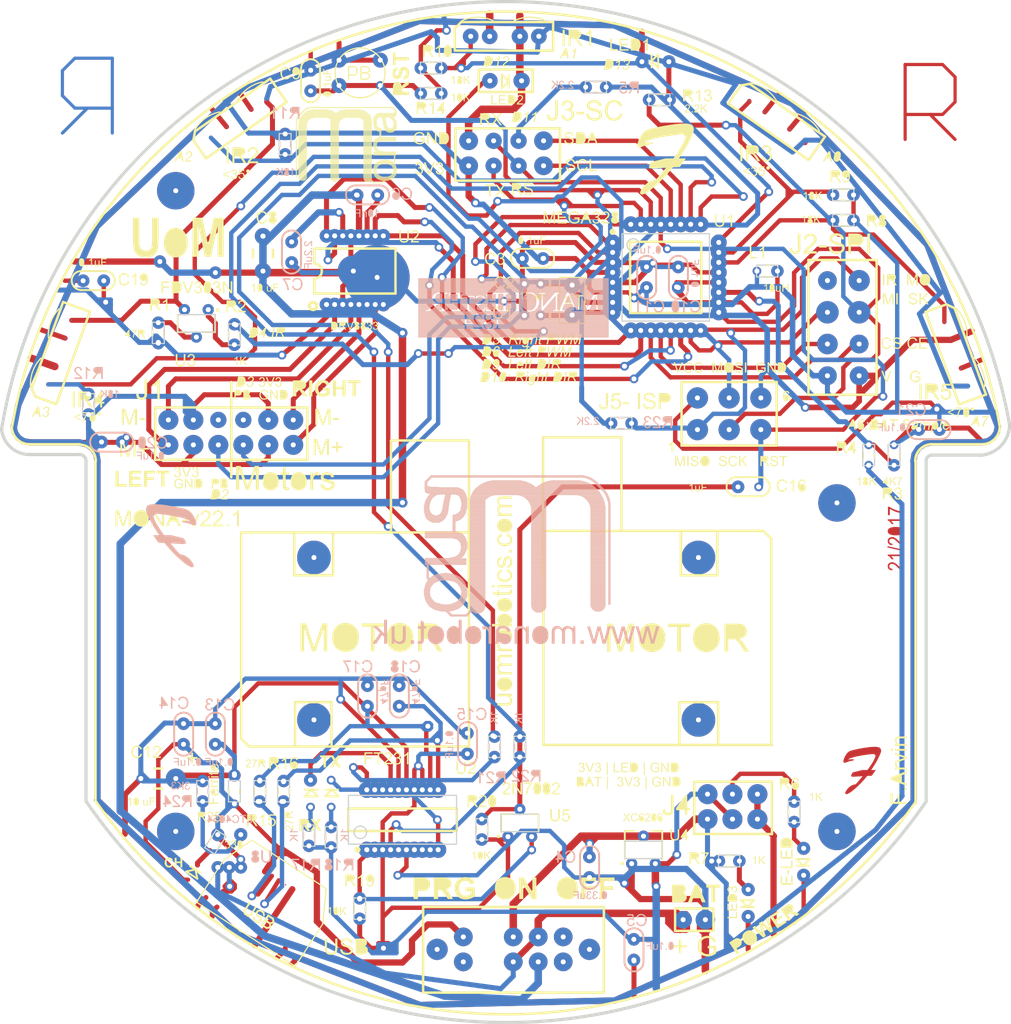
<source format=kicad_pcb>
(kicad_pcb (version 20171130) (host pcbnew 5.0.1)
  (layers (0 F.Cu signal) (31 B.Cu signal) (34 B.Paste user) (35 F.Paste user) (36 B.SilkS user) (37 F.SilkS user) (38 B.Mask user) (39 F.Mask user) (44 Edge.Cuts user))
  (net 0 "")
  (gr_poly (pts (xy 106.98436 78.70608) (xy 107.16953 78.7137) (xy 107.34733 78.72843) (xy 107.51014 78.74316) (xy 107.58431 78.7579) (xy 107.65822 78.76552) (xy 107.71766 78.77288) (xy 107.76948 78.78025) (xy 107.80656 78.78761) (xy 107.83602 78.78761) (xy 107.85838 78.79498) (xy 107.86574 78.79498) (xy 108.07301 78.83206) (xy 108.27316 78.86178) (xy 108.45096 78.89861) (xy 108.60641 78.92833) (xy 108.67295 78.94306) (xy 108.73239 78.95805) (xy 108.78421 78.96541) (xy 108.82866 78.97278) (xy 108.86549 78.98751) (xy 108.88784 78.98751) (xy 108.90257 78.99513) (xy 108.91019 78.99513) (xy 108.99147 79.00986) (xy 109.06564 79.03196) (xy 109.13219 79.04695) (xy 109.19162 79.06168) (xy 109.28789 79.08403) (xy 109.35444 79.10613) (xy 109.40625 79.12086) (xy 109.43597 79.12823) (xy 109.4507 79.13585) (xy 109.45807 79.13585) (xy 109.5396 79.1803) (xy 109.62114 79.23948) (xy 109.68768 79.2913) (xy 109.74712 79.35048) (xy 109.79157 79.40229) (xy 109.8284 79.44674) (xy 109.85075 79.47646) (xy 109.85812 79.48383) (xy 109.96175 79.65426) (xy 110.0062 79.72818) (xy 110.03592 79.80234) (xy 110.06538 79.86153) (xy 110.08773 79.90598) (xy 110.0951 79.93569) (xy 110.10247 79.94306) (xy 110.13218 80.01723) (xy 110.14692 80.08378) (xy 110.1619 80.12823) (xy 110.17663 80.16531) (xy 110.17663 80.19503) (xy 110.184 80.20976) (xy 110.184 80.22449) (xy 110.17663 80.27631) (xy 110.1619 80.32076) (xy 110.14692 80.35048) (xy 110.13955 80.35784) (xy 110.10247 80.38756) (xy 110.06538 80.40229) (xy 110.03592 80.40966) (xy 109.99883 80.40966) (xy 109.97648 80.40229) (xy 109.9173 80.37994) (xy 109.88784 80.36521) (xy 109.85812 80.35784) (xy 109.84339 80.35048) (xy 109.83602 80.35048) (xy 109.72477 80.30603) (xy 109.6285 80.27631) (xy 109.59142 80.26158) (xy 109.56195 80.25421) (xy 109.5396 80.24684) (xy 109.53224 80.24684) (xy 109.41362 80.21713) (xy 109.30999 80.18741) (xy 109.26554 80.18004) (xy 109.22845 80.17268) (xy 109.20635 80.16531) (xy 109.19899 80.16531) (xy 109.13955 80.15058) (xy 109.09536 80.13559) (xy 109.05827 80.12086) (xy 109.03592 80.11349) (xy 109.02119 80.10613) (xy 109.01382 80.10613) (xy 109.01382 80.09851) (xy 109.02119 80.07641) (xy 109.05091 80.06168) (xy 109.09536 80.05406) (xy 109.13955 80.04669) (xy 109.19162 80.03933) (xy 109.53224 80.03933) (xy 109.58405 80.04669) (xy 109.66559 80.04669) (xy 109.63587 80.02459) (xy 109.59878 80.00224) (xy 109.56932 79.98751) (xy 109.55433 79.98014) (xy 109.50988 79.95779) (xy 109.46569 79.93569) (xy 109.35444 79.89861) (xy 109.30262 79.88388) (xy 109.26554 79.86889) (xy 109.23582 79.85416) (xy 109.22845 79.85416) (xy 109.13219 79.8247) (xy 109.02855 79.79498) (xy 108.92492 79.76526) (xy 108.82129 79.74316) (xy 108.73239 79.72818) (xy 108.66559 79.71344) (xy 108.63612 79.70608) (xy 108.61377 79.69871) (xy 108.59904 79.69871) (xy 108.43597 79.66899) (xy 108.28052 79.63928) (xy 108.13244 79.60981) (xy 107.99173 79.58746) (xy 107.88047 79.57273) (xy 107.82866 79.56536) (xy 107.79157 79.558) (xy 107.75474 79.558) (xy 107.73239 79.55063) (xy 107.71029 79.55063) (xy 107.54723 79.52828) (xy 107.41388 79.51355) (xy 107.30288 79.49856) (xy 107.21398 79.48383) (xy 107.14718 79.47646) (xy 107.10273 79.47646) (xy 107.07326 79.4691) (xy 107.00646 79.4691) (xy 106.96201 79.47646) (xy 106.88073 79.49856) (xy 106.82129 79.52828) (xy 106.78446 79.558) (xy 106.76211 79.59483) (xy 106.75475 79.62454) (xy 106.74738 79.6469) (xy 106.74738 79.65426) (xy 106.75475 79.71344) (xy 106.78446 79.79498) (xy 106.81393 79.89124) (xy 106.85838 79.98014) (xy 106.89546 80.06904) (xy 106.93255 80.14296) (xy 106.94728 80.17268) (xy 106.96201 80.18741) (xy 106.96963 80.20239) (xy 106.96963 80.20976) (xy 107.05853 80.37257) (xy 107.16216 80.53564) (xy 107.26579 80.69846) (xy 107.36943 80.84679) (xy 107.45833 80.97989) (xy 107.50278 81.03932) (xy 107.53986 81.08377) (xy 107.56932 81.12822) (xy 107.58431 81.15769) (xy 107.59904 81.17267) (xy 107.60641 81.18004) (xy 108.12508 81.18004) (xy 108.17689 81.18741) (xy 108.28052 81.2095) (xy 108.33234 81.22449) (xy 108.37679 81.23922) (xy 108.40651 81.24659) (xy 108.41387 81.24659) (xy 108.99884 81.3873) (xy 109.04329 81.39467) (xy 109.08774 81.40966) (xy 109.11745 81.41702) (xy 109.13955 81.42439) (xy 109.1619 81.43175) (xy 109.16927 81.43912) (xy 109.184 81.44649) (xy 109.19162 81.46147) (xy 109.22109 81.49856) (xy 109.24344 81.53539) (xy 109.2508 81.54301) (xy 109.2508 81.55037) (xy 109.2729 81.59482) (xy 109.29525 81.63927) (xy 109.30999 81.67636) (xy 109.31735 81.68372) (xy 109.31735 81.69109) (xy 109.32472 81.72055) (xy 109.33234 81.73554) (xy 109.3397 81.765) (xy 109.34707 81.77262) (xy 109.3397 81.82444) (xy 109.31735 81.8539) (xy 109.30262 81.86889) (xy 109.29525 81.87625) (xy 109.26554 81.88362) (xy 109.23582 81.89099) (xy 109.08037 81.89099) (xy 108.11746 81.83917) (xy 108.15454 81.88362) (xy 108.19899 81.93544) (xy 108.28789 82.03907) (xy 108.32497 82.08352) (xy 108.35444 82.1206) (xy 108.37679 82.15032) (xy 108.38416 82.15769) (xy 108.44334 82.23185) (xy 108.49541 82.29104) (xy 108.53986 82.34285) (xy 108.58405 82.3873) (xy 108.61377 82.42439) (xy 108.63612 82.44648) (xy 108.64349 82.46122) (xy 108.65086 82.46884) (xy 108.72477 82.55012) (xy 108.79157 82.62428) (xy 108.82866 82.66137) (xy 108.85075 82.68347) (xy 108.86549 82.69845) (xy 108.87311 82.70582) (xy 108.99147 82.72055) (xy 109.10272 82.75027) (xy 109.19899 82.77973) (xy 109.28027 82.82418) (xy 109.35444 82.86127) (xy 109.40625 82.89098) (xy 109.43597 82.91308) (xy 109.4507 82.92045) (xy 109.5396 82.99462) (xy 109.62114 83.06878) (xy 109.68768 83.13533) (xy 109.7395 83.20188) (xy 109.78395 83.25395) (xy 109.81367 83.2984) (xy 109.83602 83.32786) (xy 109.84339 83.33523) (xy 109.88784 83.4094) (xy 109.92467 83.46858) (xy 109.94702 83.5204) (xy 109.96912 83.55748) (xy 109.97648 83.57983) (xy 109.9841 83.59456) (xy 109.9841 83.6093) (xy 109.97648 83.65375) (xy 109.96175 83.68346) (xy 109.94702 83.70556) (xy 109.93965 83.71318) (xy 109.90257 83.73528) (xy 109.87285 83.75001) (xy 109.84339 83.75738) (xy 109.83602 83.75738) (xy 109.76922 83.74265) (xy 109.68768 83.71318) (xy 109.59878 83.66873) (xy 109.5175 83.61666) (xy 109.43597 83.57221) (xy 109.36917 83.52776) (xy 109.32472 83.4983) (xy 109.31735 83.48331) (xy 109.30999 83.48331) (xy 109.16927 83.37231) (xy 109.02855 83.25395) (xy 108.88784 83.13533) (xy 108.76185 83.02433) (xy 108.65086 82.92045) (xy 108.60641 82.876) (xy 108.56196 82.83917) (xy 108.53224 82.80945) (xy 108.51014 82.7871) (xy 108.49541 82.77237) (xy 108.48779 82.765) (xy 108.31761 82.59457) (xy 108.16191 82.42439) (xy 108.01382 82.26868) (xy 107.88784 82.1206) (xy 107.78421 81.99462) (xy 107.73976 81.9428) (xy 107.70267 81.89835) (xy 107.67321 81.86127) (xy 107.65086 81.8318) (xy 107.64349 81.81682) (xy 107.63613 81.80945) (xy 107.52513 81.80209) (xy 107.35469 81.80209) (xy 107.26579 81.79472) (xy 107.19899 81.79472) (xy 107.1548 81.78735) (xy 107.13981 81.78735) (xy 106.71766 81.18004) (xy 107.20661 81.18004) (xy 107.11771 81.04669) (xy 107.02881 80.91334) (xy 106.95464 80.79472) (xy 106.8881 80.69109) (xy 106.82866 80.60219) (xy 106.79183 80.53564) (xy 106.76211 80.49119) (xy 106.75475 80.47646) (xy 106.68058 80.35048) (xy 106.6214 80.23922) (xy 106.56221 80.13559) (xy 106.5104 80.04669) (xy 106.47331 79.96516) (xy 106.4436 79.91334) (xy 106.42886 79.87651) (xy 106.4215 79.86153) (xy 106.36968 79.75789) (xy 106.3326 79.66899) (xy 106.29551 79.59483) (xy 106.2658 79.52828) (xy 106.2437 79.47646) (xy 106.22897 79.43201) (xy 106.21398 79.40991) (xy 106.21398 79.40229) (xy 106.19188 79.33575) (xy 106.1769 79.28393) (xy 106.16216 79.23948) (xy 106.1548 79.2024) (xy 106.14743 79.17268) (xy 106.14743 79.15058) (xy 106.14743 79.13585) (xy 106.1548 79.03958) (xy 106.1769 78.96541) (xy 106.20661 78.90623) (xy 106.23633 78.85416) (xy 106.2658 78.81733) (xy 106.29551 78.79498) (xy 106.31787 78.78761) (xy 106.32523 78.78025) (xy 106.39915 78.75053) (xy 106.47331 78.7358) (xy 106.55485 78.72107) (xy 106.62876 78.70608) (xy 106.69556 78.70608) (xy 106.74738 78.69871) (xy 106.7992 78.69871)) (layer B.SilkS) (width 0))
  (gr_poly (pts (xy 131.43516 89.877) (xy 131.21596 89.877) (xy 131.21596 89.70199) (xy 131.18802 89.73832) (xy 131.16034 89.7688) (xy 131.12986 89.79648) (xy 131.09658 89.82137) (xy 131.06585 89.84093) (xy 131.03257 89.8577) (xy 131.00209 89.87141) (xy 130.97161 89.88259) (xy 130.91599 89.8963) (xy 130.8911 89.90189) (xy 130.87154 89.90469) (xy 130.85503 89.90469) (xy 130.84106 89.90748) (xy 130.83014 89.90748) (xy 130.78569 89.90469) (xy 130.74124 89.8991) (xy 130.69958 89.89097) (xy 130.66072 89.877) (xy 130.58579 89.84652) (xy 130.55505 89.82696) (xy 130.52457 89.81045) (xy 130.49689 89.79089) (xy 130.47454 89.77438) (xy 130.45523 89.75762) (xy 130.43567 89.74365) (xy 130.42196 89.72993) (xy 130.41358 89.72155) (xy 130.40799 89.71596) (xy 130.40519 89.71317) (xy 130.37471 89.67431) (xy 130.34703 89.63265) (xy 130.32188 89.591) (xy 130.30258 89.54375) (xy 130.28581 89.4993) (xy 130.27184 89.45231) (xy 130.24975 89.36341) (xy 130.24136 89.32176) (xy 130.23578 89.28289) (xy 130.23324 89.24962) (xy 130.23044 89.21914) (xy 130.22765 89.19399) (xy 130.22765 89.17748) (xy 130.22765 89.16351) (xy 130.22765 89.16072) (xy 130.23044 89.10535) (xy 130.23324 89.05252) (xy 130.24136 89.00527) (xy 130.24975 88.96362) (xy 130.25813 88.92755) (xy 130.26372 88.89986) (xy 130.26651 88.89148) (xy 130.2693 88.8831) (xy 130.27184 88.8803) (xy 130.27184 88.87751) (xy 130.28861 88.83027) (xy 130.30817 88.78582) (xy 130.32747 88.74721) (xy 130.34703 88.71368) (xy 130.36354 88.68879) (xy 130.37751 88.66923) (xy 130.38589 88.65551) (xy 130.38868 88.65272) (xy 130.41637 88.61945) (xy 130.44964 88.58871) (xy 130.48012 88.56382) (xy 130.51086 88.54452) (xy 130.53575 88.52775) (xy 130.55785 88.51378) (xy 130.57182 88.50819) (xy 130.57741 88.50565) (xy 130.61906 88.48889) (xy 130.66351 88.47492) (xy 130.70517 88.46679) (xy 130.74124 88.45841) (xy 130.77172 88.45562) (xy 130.79661 88.45282) (xy 130.81896 88.45282) (xy 130.86062 88.45562) (xy 130.90227 88.4612) (xy 130.94113 88.46933) (xy 130.9772 88.4833) (xy 131.04096 88.51099) (xy 131.09658 88.54731) (xy 131.11868 88.56382) (xy 131.14103 88.58058) (xy 131.15754 88.59709) (xy 131.17151 88.61106) (xy 131.18523 88.62503) (xy 131.19361 88.63316) (xy 131.1964 88.63875) (xy 131.1992 88.64154) (xy 131.1992 87.95574) (xy 131.43516 87.95574)) (layer B.SilkS) (width 0))
  (gr_poly (pts (xy 139.95534 88.45562) (xy 140.00258 88.464) (xy 140.04424 88.47213) (xy 140.08031 88.4833) (xy 140.11104 88.49727) (xy 140.13314 88.50565) (xy 140.14711 88.51378) (xy 140.15244 88.51658) (xy 140.19131 88.54172) (xy 140.22483 88.56941) (xy 140.25531 88.59709) (xy 140.28021 88.62503) (xy 140.29976 88.64713) (xy 140.31627 88.66669) (xy 140.32466 88.67761) (xy 140.32745 88.6832) (xy 140.32745 88.4833) (xy 140.53852 88.4833) (xy 140.53852 89.877) (xy 140.30256 89.877) (xy 140.30256 89.15513) (xy 140.29976 89.08858) (xy 140.29697 89.03016) (xy 140.29138 88.98038) (xy 140.283 88.93872) (xy 140.27462 88.90799) (xy 140.26903 88.88589) (xy 140.26624 88.87192) (xy 140.2637 88.86633) (xy 140.24693 88.83027) (xy 140.22763 88.79979) (xy 140.20807 88.7721) (xy 140.18851 88.74975) (xy 140.16921 88.73324) (xy 140.15524 88.72206) (xy 140.14432 88.71368) (xy 140.14152 88.71089) (xy 140.10799 88.69438) (xy 140.07751 88.68041) (xy 140.04424 88.67202) (xy 140.01655 88.6639) (xy 139.9942 88.6611) (xy 139.9749 88.65831) (xy 139.95813 88.65831) (xy 139.91089 88.6611) (xy 139.87228 88.66923) (xy 139.83875 88.6832) (xy 139.81386 88.69717) (xy 139.7943 88.71368) (xy 139.78059 88.72486) (xy 139.77221 88.73603) (xy 139.76941 88.73883) (xy 139.75011 88.7721) (xy 139.73614 88.80817) (xy 139.72496 88.84703) (xy 139.71937 88.88589) (xy 139.71379 88.91917) (xy 139.71125 88.94965) (xy 139.71125 88.96082) (xy 139.71125 88.96641) (xy 139.71125 88.972) (xy 139.71125 88.97479) (xy 139.71125 89.877) (xy 139.47503 89.877) (xy 139.47503 89.06903) (xy 139.46969 88.9941) (xy 139.45852 88.93034) (xy 139.44455 88.87751) (xy 139.42524 88.83306) (xy 139.40848 88.79979) (xy 139.39197 88.77769) (xy 139.38079 88.76372) (xy 139.378 88.75813) (xy 139.33914 88.72486) (xy 139.29748 88.69996) (xy 139.25582 88.6832) (xy 139.21696 88.66923) (xy 139.18369 88.6639) (xy 139.156 88.6611) (xy 139.14483 88.65831) (xy 139.13086 88.65831) (xy 139.10038 88.6611) (xy 139.07548 88.6639) (xy 139.05034 88.66923) (xy 139.03103 88.67761) (xy 139.01148 88.68599) (xy 139.0003 88.69158) (xy 138.99217 88.69438) (xy 138.98938 88.69717) (xy 138.96703 88.71368) (xy 138.95052 88.73044) (xy 138.93655 88.74721) (xy 138.92537 88.76372) (xy 138.91724 88.77769) (xy 138.91165 88.78861) (xy 138.90607 88.79699) (xy 138.90607 88.79979) (xy 138.89768 88.82468) (xy 138.8921 88.85821) (xy 138.8893 88.89148) (xy 138.88651 88.92475) (xy 138.88371 88.95523) (xy 138.88371 88.98038) (xy 138.88371 88.99689) (xy 138.88371 88.99968) (xy 138.88371 89.00248) (xy 138.88371 89.877) (xy 138.64775 89.877) (xy 138.64775 88.92196) (xy 138.64775 88.87751) (xy 138.65334 88.83865) (xy 138.65892 88.79979) (xy 138.66451 88.76651) (xy 138.67289 88.73324) (xy 138.68382 88.7053) (xy 138.6922 88.68041) (xy 138.70337 88.65551) (xy 138.71455 88.63596) (xy 138.72268 88.61665) (xy 138.74224 88.59151) (xy 138.75341 88.575) (xy 138.75875 88.56941) (xy 138.8032 88.53055) (xy 138.85603 88.50286) (xy 138.90886 88.48051) (xy 138.95864 88.46679) (xy 139.00589 88.45841) (xy 139.02545 88.45562) (xy 139.04475 88.45562) (xy 139.05872 88.45282) (xy 139.07828 88.45282) (xy 139.12806 88.45562) (xy 139.17251 88.464) (xy 139.21696 88.47492) (xy 139.25862 88.49168) (xy 139.29748 88.51099) (xy 139.33355 88.53055) (xy 139.36403 88.55264) (xy 139.39451 88.575) (xy 139.42245 88.59989) (xy 139.44455 88.62224) (xy 139.4641 88.64154) (xy 139.48061 88.6611) (xy 139.49458 88.67761) (xy 139.50297 88.68879) (xy 139.50855 88.69717) (xy 139.51135 88.69996) (xy 139.52786 88.65831) (xy 139.55021 88.62224) (xy 139.5751 88.59151) (xy 139.5972 88.56661) (xy 139.61955 88.54452) (xy 139.63606 88.53055) (xy 139.64724 88.52216) (xy 139.65283 88.51937) (xy 139.69169 88.49727) (xy 139.73334 88.48051) (xy 139.775 88.46933) (xy 139.81666 88.4612) (xy 139.84993 88.45562) (xy 139.88041 88.45282) (xy 139.90556 88.45282)) (layer B.SilkS) (width 0))
  (gr_poly (pts (xy 134.78898 88.45562) (xy 134.84715 88.4612) (xy 134.90277 88.46933) (xy 134.94722 88.47771) (xy 134.98608 88.4861) (xy 135.01377 88.49448) (xy 135.02495 88.49727) (xy 135.03307 88.50007) (xy 135.03587 88.50286) (xy 135.03866 88.50286) (xy 135.08591 88.52216) (xy 135.12756 88.54731) (xy 135.16363 88.56941) (xy 135.19411 88.59151) (xy 135.21646 88.61386) (xy 135.23297 88.63037) (xy 135.24415 88.64154) (xy 135.24694 88.64434) (xy 135.27209 88.68041) (xy 135.29419 88.71927) (xy 135.3107 88.75813) (xy 135.32467 88.7942) (xy 135.33584 88.83027) (xy 135.34422 88.85541) (xy 135.34702 88.86633) (xy 135.34702 88.87472) (xy 135.34956 88.87751) (xy 135.34956 88.8803) (xy 135.11918 88.91078) (xy 135.10267 88.861) (xy 135.08591 88.81655) (xy 135.0666 88.78048) (xy 135.04984 88.75254) (xy 135.03307 88.73044) (xy 135.01936 88.71647) (xy 135.00818 88.70835) (xy 135.00539 88.7053) (xy 134.97211 88.68599) (xy 134.93325 88.67202) (xy 134.8916 88.6611) (xy 134.85273 88.65551) (xy 134.81387 88.64993) (xy 134.78619 88.64713) (xy 134.75825 88.64713) (xy 134.69449 88.64993) (xy 134.63887 88.65831) (xy 134.59467 88.67202) (xy 134.55555 88.68599) (xy 134.52787 88.70276) (xy 134.50577 88.71368) (xy 134.4918 88.72486) (xy 134.48901 88.72765) (xy 134.46691 88.75254) (xy 134.45014 88.78328) (xy 134.43617 88.81655) (xy 134.42805 88.84982) (xy 134.42246 88.8803) (xy 134.41966 88.90799) (xy 134.41966 88.92475) (xy 134.41966 88.92755) (xy 134.41966 88.93034) (xy 134.41966 88.93593) (xy 134.41966 88.94685) (xy 134.41966 88.96641) (xy 134.42246 88.98317) (xy 134.42246 88.98851) (xy 134.42246 88.9913) (xy 134.45014 88.99968) (xy 134.48062 89.00807) (xy 134.54463 89.02483) (xy 134.61677 89.03855) (xy 134.68332 89.05252) (xy 134.71659 89.0581) (xy 134.74732 89.0609) (xy 134.77501 89.06623) (xy 134.79711 89.06903) (xy 134.81667 89.07182) (xy 134.83064 89.07182) (xy 134.84156 89.07461) (xy 134.84435 89.07461) (xy 134.89439 89.0802) (xy 134.93605 89.08858) (xy 134.97211 89.09417) (xy 134.9998 89.09976) (xy 135.02215 89.1023) (xy 135.03866 89.10789) (xy 135.04984 89.11068) (xy 135.05263 89.11068) (xy 135.0887 89.12186) (xy 135.11918 89.13303) (xy 135.14966 89.14675) (xy 135.17481 89.15793) (xy 135.1969 89.1691) (xy 135.21087 89.18028) (xy 135.22205 89.18561) (xy 135.22484 89.18841) (xy 135.25253 89.20796) (xy 135.27463 89.23006) (xy 135.29698 89.25241) (xy 135.31349 89.27451) (xy 135.32746 89.29407) (xy 135.33864 89.31058) (xy 135.34422 89.32176) (xy 135.34702 89.32455) (xy 135.36073 89.35503) (xy 135.37191 89.3883) (xy 135.38029 89.41878) (xy 135.38588 89.44952) (xy 135.38867 89.47441) (xy 135.39121 89.49397) (xy 135.39121 89.50489) (xy 135.39121 89.51048) (xy 135.38867 89.54375) (xy 135.38588 89.57169) (xy 135.37191 89.62986) (xy 135.35235 89.6771) (xy 135.33025 89.71876) (xy 135.30816 89.75203) (xy 135.2886 89.77718) (xy 135.27463 89.79089) (xy 135.26904 89.79648) (xy 135.21926 89.83255) (xy 135.16363 89.86024) (xy 135.10267 89.87979) (xy 135.04704 89.89376) (xy 134.99701 89.90189) (xy 134.97491 89.90469) (xy 134.9556 89.90469) (xy 134.93884 89.90748) (xy 134.91649 89.90748) (xy 134.8667 89.90469) (xy 134.81667 89.8991) (xy 134.77222 89.89376) (xy 134.73335 89.88538) (xy 134.70287 89.877) (xy 134.67773 89.86862) (xy 134.66122 89.86582) (xy 134.65563 89.86303) (xy 134.60839 89.84373) (xy 134.56394 89.81883) (xy 134.52228 89.79089) (xy 134.48062 89.766) (xy 134.44735 89.74086) (xy 134.42246 89.72155) (xy 134.40569 89.70758) (xy 134.4029 89.70199) (xy 134.40011 89.70199) (xy 134.39477 89.73832) (xy 134.38918 89.77159) (xy 134.3836 89.80207) (xy 134.37521 89.82696) (xy 134.36683 89.84931) (xy 134.36124 89.86303) (xy 134.3587 89.87421) (xy 134.35591 89.877) (xy 134.10877 89.877) (xy 134.12274 89.84652) (xy 134.13645 89.81579) (xy 134.14763 89.7881) (xy 134.15322 89.76321) (xy 134.1616 89.74086) (xy 134.16414 89.72435) (xy 134.16693 89.71317) (xy 134.16693 89.71038) (xy 134.16973 89.69107) (xy 134.17252 89.66593) (xy 134.17252 89.63824) (xy 134.17532 89.60776) (xy 134.17811 89.53816) (xy 134.17811 89.46882) (xy 134.1809 89.40227) (xy 134.1809 89.37179) (xy 134.1809 89.34665) (xy 134.1809 89.32455) (xy 134.1809 89.30779) (xy 134.1809 89.29686) (xy 134.1809 89.29407) (xy 134.1809 88.97759) (xy 134.1809 88.92475) (xy 134.1837 88.87751) (xy 134.18649 88.84144) (xy 134.18649 88.81096) (xy 134.18929 88.78861) (xy 134.19208 88.7721) (xy 134.19487 88.76372) (xy 134.19487 88.76092) (xy 134.203 88.72486) (xy 134.21418 88.69438) (xy 134.22535 88.66923) (xy 134.23907 88.64434) (xy 134.25025 88.62783) (xy 134.25863 88.61386) (xy 134.26422 88.60548) (xy 134.26701 88.60268) (xy 134.28911 88.58058) (xy 134.31425 88.55823) (xy 134.34194 88.54172) (xy 134.36963 88.52496) (xy 134.39477 88.51378) (xy 134.41408 88.50565) (xy 134.42805 88.50007) (xy 134.43363 88.49727) (xy 134.47808 88.4833) (xy 134.52507 88.47213) (xy 134.57232 88.464) (xy 134.61956 88.45841) (xy 134.66122 88.45562) (xy 134.6917 88.45282) (xy 134.72218 88.45282)) (layer B.SilkS) (width 0))
  (gr_poly (pts (xy 125.45524 89.877) (xy 125.21928 89.877) (xy 125.21928 89.32455) (xy 125.05545 89.16631) (xy 124.5919 89.877) (xy 124.3003 89.877) (xy 124.88882 89.00248) (xy 124.35314 88.4833) (xy 124.66124 88.4833) (xy 125.21928 89.05252) (xy 125.21928 87.95574) (xy 125.45524 87.95574)) (layer B.SilkS) (width 0))
  (gr_poly (pts (xy 146.84611 89.877) (xy 146.59617 89.877) (xy 146.31575 88.80537) (xy 146.26013 89.04413) (xy 146.03813 89.877) (xy 145.79658 89.877) (xy 145.35792 88.4833) (xy 145.5883 88.4833) (xy 145.82706 89.29128) (xy 145.90758 89.56052) (xy 145.97717 89.29407) (xy 146.1852 88.4833) (xy 146.42675 88.4833) (xy 146.649 89.3022) (xy 146.65992 89.34944) (xy 146.6711 89.3911) (xy 146.67948 89.42717) (xy 146.68786 89.4579) (xy 146.69599 89.48559) (xy 146.70158 89.50768) (xy 146.70717 89.52724) (xy 146.70996 89.54375) (xy 146.71276 89.55772) (xy 146.71555 89.5661) (xy 146.71834 89.57982) (xy 146.72114 89.58541) (xy 146.72114 89.5882) (xy 146.79886 89.28848) (xy 147.02086 88.4833) (xy 147.268 88.4833)) (layer B.SilkS) (width 0))
  (gr_poly (pts (xy 144.90834 89.877) (xy 144.6584 89.877) (xy 144.37799 88.80537) (xy 144.32236 89.04413) (xy 144.10037 89.877) (xy 143.85881 89.877) (xy 143.42015 88.4833) (xy 143.65053 88.4833) (xy 143.88929 89.29128) (xy 143.96981 89.56052) (xy 144.03915 89.29407) (xy 144.24743 88.4833) (xy 144.48899 88.4833) (xy 144.71098 89.3022) (xy 144.72216 89.34944) (xy 144.73333 89.3911) (xy 144.74172 89.42717) (xy 144.7501 89.4579) (xy 144.75823 89.48559) (xy 144.76381 89.50768) (xy 144.7694 89.52724) (xy 144.7722 89.54375) (xy 144.77499 89.55772) (xy 144.77778 89.5661) (xy 144.78058 89.57982) (xy 144.78337 89.58541) (xy 144.78337 89.5882) (xy 144.8611 89.28848) (xy 145.08309 88.4833) (xy 145.33023 88.4833)) (layer B.SilkS) (width 0))
  (gr_poly (pts (xy 142.97032 89.877) (xy 142.72064 89.877) (xy 142.44022 88.80537) (xy 142.3846 89.04413) (xy 142.1626 89.877) (xy 141.92105 89.877) (xy 141.48239 88.4833) (xy 141.71277 88.4833) (xy 141.95153 89.29128) (xy 142.03204 89.56052) (xy 142.10139 89.29407) (xy 142.30967 88.4833) (xy 142.55122 88.4833) (xy 142.77322 89.3022) (xy 142.78439 89.34944) (xy 142.79557 89.3911) (xy 142.80395 89.42717) (xy 142.81208 89.4579) (xy 142.82046 89.48559) (xy 142.82605 89.50768) (xy 142.83164 89.52724) (xy 142.83443 89.54375) (xy 142.83722 89.55772) (xy 142.84002 89.5661) (xy 142.84281 89.57982) (xy 142.84535 89.58541) (xy 142.84535 89.5882) (xy 142.92333 89.28848) (xy 143.14533 88.4833) (xy 143.39247 88.4833)) (layer B.SilkS) (width 0))
  (gr_poly (pts (xy 128.40367 88.13913) (xy 128.40367 88.4833) (xy 128.57843 88.4833) (xy 128.57843 88.66669) (xy 128.40367 88.66669) (xy 128.40367 89.47162) (xy 128.40367 89.51048) (xy 128.40367 89.54375) (xy 128.40088 89.57449) (xy 128.39809 89.60497) (xy 128.39809 89.62986) (xy 128.39529 89.65221) (xy 128.3897 89.68828) (xy 128.38412 89.71596) (xy 128.38132 89.73552) (xy 128.37573 89.74644) (xy 128.37573 89.74924) (xy 128.36481 89.77438) (xy 128.34805 89.79369) (xy 128.33128 89.81325) (xy 128.31757 89.82696) (xy 128.3008 89.84093) (xy 128.28988 89.84931) (xy 128.2815 89.8549) (xy 128.27871 89.8577) (xy 128.24823 89.87141) (xy 128.21749 89.87979) (xy 128.18422 89.88818) (xy 128.15094 89.89097) (xy 128.12326 89.89376) (xy 128.10091 89.8963) (xy 128.07881 89.8963) (xy 128.01759 89.89376) (xy 127.98711 89.89097) (xy 127.95943 89.88538) (xy 127.93428 89.88259) (xy 127.91498 89.87979) (xy 127.9038 89.877) (xy 127.89821 89.877) (xy 127.92895 89.66872) (xy 127.95105 89.67151) (xy 127.9734 89.67431) (xy 127.9927 89.67431) (xy 128.00667 89.6771) (xy 128.03436 89.6771) (xy 128.07043 89.67431) (xy 128.09532 89.66872) (xy 128.10929 89.66313) (xy 128.11488 89.66034) (xy 128.13418 89.64662) (xy 128.14536 89.63265) (xy 128.15374 89.62148) (xy 128.15653 89.61614) (xy 128.15933 89.60217) (xy 128.16212 89.58261) (xy 128.16491 89.53816) (xy 128.16771 89.51886) (xy 128.16771 89.5021) (xy 128.16771 89.49117) (xy 128.16771 89.48559) (xy 128.16771 88.66669) (xy 127.92895 88.66669) (xy 127.92895 88.4833) (xy 128.16771 88.4833) (xy 128.16771 87.9974)) (layer B.SilkS) (width 0))
  (gr_poly (pts (xy 126.95435 89.34665) (xy 126.95435 89.39948) (xy 126.95156 89.44672) (xy 126.94876 89.48279) (xy 126.94597 89.51607) (xy 126.94597 89.53816) (xy 126.94343 89.55493) (xy 126.94038 89.5661) (xy 126.94038 89.5689) (xy 126.93225 89.60497) (xy 126.92108 89.63824) (xy 126.9099 89.66872) (xy 126.89618 89.69387) (xy 126.88501 89.71596) (xy 126.87663 89.72993) (xy 126.87104 89.74086) (xy 126.86824 89.74365) (xy 126.84615 89.7688) (xy 126.82125 89.79089) (xy 126.79611 89.81045) (xy 126.76842 89.82696) (xy 126.74607 89.84093) (xy 126.72677 89.85211) (xy 126.71559 89.8577) (xy 126.71 89.86024) (xy 126.66835 89.877) (xy 126.62948 89.88818) (xy 126.59062 89.8963) (xy 126.55455 89.90189) (xy 126.52407 89.90469) (xy 126.49918 89.90748) (xy 126.47962 89.90748) (xy 126.42959 89.90469) (xy 126.3798 89.8963) (xy 126.33535 89.88538) (xy 126.2909 89.87141) (xy 126.25204 89.85211) (xy 126.21597 89.83255) (xy 126.1827 89.81325) (xy 126.15196 89.79089) (xy 126.12428 89.7688) (xy 126.10218 89.74924) (xy 126.08262 89.72714) (xy 126.06611 89.71038) (xy 126.05214 89.69666) (xy 126.04376 89.68548) (xy 126.03817 89.6771) (xy 126.03538 89.67431) (xy 126.03538 89.877) (xy 125.82456 89.877) (xy 125.82456 88.4833) (xy 126.06052 88.4833) (xy 126.06052 89.23006) (xy 126.06332 89.29407) (xy 126.06611 89.34944) (xy 126.07145 89.39669) (xy 126.07983 89.43555) (xy 126.08821 89.46603) (xy 126.0938 89.48838) (xy 126.09659 89.4993) (xy 126.09939 89.50489) (xy 126.1159 89.53816) (xy 126.13545 89.5661) (xy 126.15755 89.591) (xy 126.1799 89.61335) (xy 126.19921 89.62986) (xy 126.21597 89.64103) (xy 126.22689 89.64942) (xy 126.23248 89.65221) (xy 126.2688 89.66872) (xy 126.30487 89.68269) (xy 126.33815 89.69107) (xy 126.36863 89.6992) (xy 126.39352 89.70199) (xy 126.41308 89.70479) (xy 126.43238 89.70479) (xy 126.47124 89.70199) (xy 126.50477 89.69666) (xy 126.53525 89.68828) (xy 126.56014 89.6771) (xy 126.58249 89.66872) (xy 126.59621 89.66034) (xy 126.60739 89.655) (xy 126.61018 89.65221) (xy 126.63507 89.62986) (xy 126.65463 89.60776) (xy 126.67114 89.58261) (xy 126.68511 89.56052) (xy 126.69349 89.53816) (xy 126.69908 89.52165) (xy 126.70441 89.51048) (xy 126.70441 89.50768) (xy 126.71 89.4772) (xy 126.7128 89.44114) (xy 126.71559 89.39948) (xy 126.71559 89.35782) (xy 126.71838 89.31896) (xy 126.71838 89.28848) (xy 126.71838 89.27451) (xy 126.71838 89.26613) (xy 126.71838 89.2608) (xy 126.71838 89.258) (xy 126.71838 88.4833) (xy 126.95435 88.4833)) (layer B.SilkS) (width 0))
  (gr_poly (pts (xy 141.21594 89.877) (xy 140.94645 89.877) (xy 140.94645 89.60776) (xy 141.21594 89.60776)) (layer B.SilkS) (width 0))
  (gr_poly (pts (xy 136.20478 88.45562) (xy 136.25481 88.464) (xy 136.29926 88.47492) (xy 136.34371 88.48889) (xy 136.38258 88.50565) (xy 136.41864 88.52496) (xy 136.45192 88.54731) (xy 136.4796 88.56661) (xy 136.50729 88.58871) (xy 136.52964 88.61106) (xy 136.54895 88.63037) (xy 136.56571 88.64713) (xy 136.57689 88.6611) (xy 136.58501 88.67202) (xy 136.5906 88.68041) (xy 136.5934 88.6832) (xy 136.5934 88.4833) (xy 136.80447 88.4833) (xy 136.80447 89.877) (xy 136.5685 89.877) (xy 136.5685 89.11906) (xy 136.5685 89.07182) (xy 136.56292 89.02483) (xy 136.55733 88.98571) (xy 136.55174 88.94965) (xy 136.54336 88.91637) (xy 136.53523 88.88589) (xy 136.52405 88.85821) (xy 136.51288 88.83585) (xy 136.5045 88.81655) (xy 136.49357 88.79979) (xy 136.48519 88.78582) (xy 136.47681 88.77489) (xy 136.46563 88.76092) (xy 136.46005 88.75534) (xy 136.41864 88.72206) (xy 136.37419 88.69996) (xy 136.32974 88.6832) (xy 136.29088 88.66923) (xy 136.25481 88.6639) (xy 136.22687 88.6611) (xy 136.21595 88.65831) (xy 136.20198 88.65831) (xy 136.16871 88.6611) (xy 136.13543 88.6639) (xy 136.10749 88.67202) (xy 136.0854 88.68041) (xy 136.06584 88.68879) (xy 136.04933 88.69438) (xy 136.04095 88.69996) (xy 136.03815 88.70276) (xy 136.01326 88.71927) (xy 135.99091 88.73883) (xy 135.9744 88.75813) (xy 135.96043 88.77489) (xy 135.95205 88.7914) (xy 135.94366 88.80537) (xy 135.93833 88.81376) (xy 135.93833 88.81655) (xy 135.92995 88.84703) (xy 135.92157 88.8803) (xy 135.91598 88.91637) (xy 135.91318 88.95244) (xy 135.91039 88.98317) (xy 135.91039 89.00807) (xy 135.91039 89.02737) (xy 135.91039 89.03016) (xy 135.91039 89.03296) (xy 135.91039 89.877) (xy 135.67442 89.877) (xy 135.67442 89.02204) (xy 135.67442 88.96362) (xy 135.67722 88.91637) (xy 135.68001 88.87751) (xy 135.68001 88.84424) (xy 135.68281 88.82214) (xy 135.6856 88.80537) (xy 135.68839 88.7942) (xy 135.68839 88.7914) (xy 135.69678 88.75534) (xy 135.71049 88.72206) (xy 135.72167 88.69438) (xy 135.73284 88.66669) (xy 135.74656 88.64713) (xy 135.75494 88.63316) (xy 135.76053 88.62224) (xy 135.76332 88.61945) (xy 135.78568 88.59151) (xy 135.81057 88.56941) (xy 135.83546 88.54731) (xy 135.8634 88.53055) (xy 135.8855 88.51658) (xy 135.90506 88.50819) (xy 135.91598 88.50286) (xy 135.92157 88.50007) (xy 135.96043 88.4833) (xy 136.00208 88.47213) (xy 136.04095 88.464) (xy 136.07701 88.45841) (xy 136.10749 88.45562) (xy 136.12985 88.45282) (xy 136.15194 88.45282)) (layer B.SilkS) (width 0))
  (gr_poly (pts (xy 133.33686 88.45562) (xy 133.3648 88.4612) (xy 133.39249 88.46933) (xy 133.41459 88.47771) (xy 133.43135 88.4861) (xy 133.44811 88.49448) (xy 133.45624 88.50007) (xy 133.45904 88.50286) (xy 133.48418 88.52496) (xy 133.50907 88.55264) (xy 133.53397 88.58592) (xy 133.55632 88.61665) (xy 133.57842 88.64713) (xy 133.59239 88.67202) (xy 133.60356 88.69158) (xy 133.6061 88.69438) (xy 133.6061 88.4833) (xy 133.81997 88.4833) (xy 133.81997 89.877) (xy 133.584 89.877) (xy 133.584 89.14954) (xy 133.58121 89.09417) (xy 133.57842 89.04413) (xy 133.57283 88.99689) (xy 133.5647 88.95523) (xy 133.55632 88.92196) (xy 133.55073 88.89707) (xy 133.54794 88.8803) (xy 133.54514 88.87472) (xy 133.53397 88.84424) (xy 133.52025 88.81934) (xy 133.50628 88.79699) (xy 133.49231 88.77769) (xy 133.47859 88.76372) (xy 133.47021 88.75254) (xy 133.46183 88.74721) (xy 133.45904 88.74441) (xy 133.43694 88.72765) (xy 133.41179 88.71647) (xy 133.3869 88.70835) (xy 133.3676 88.70276) (xy 133.34804 88.69996) (xy 133.33407 88.69717) (xy 133.32035 88.69717) (xy 133.28962 88.69996) (xy 133.25914 88.7053) (xy 133.22866 88.71368) (xy 133.20377 88.72206) (xy 133.18141 88.73044) (xy 133.1649 88.73883) (xy 133.15373 88.74441) (xy 133.15093 88.74721) (xy 133.06483 88.53055) (xy 133.11207 88.50565) (xy 133.15652 88.4861) (xy 133.19538 88.47213) (xy 133.23145 88.4612) (xy 133.26193 88.45562) (xy 133.28708 88.45282) (xy 133.30638 88.45282)) (layer B.SilkS) (width 0))
  (gr_poly (pts (xy 127.62897 89.877) (xy 127.35973 89.877) (xy 127.35973 89.60776) (xy 127.62897 89.60776)) (layer B.SilkS) (width 0))
  (gr_poly (pts (xy 137.78161 88.45562) (xy 137.82606 88.45841) (xy 137.91216 88.47771) (xy 137.98709 88.50286) (xy 138.02037 88.51658) (xy 138.05085 88.53055) (xy 138.07879 88.54452) (xy 138.10089 88.55823) (xy 138.12324 88.5722) (xy 138.13975 88.58338) (xy 138.15372 88.5943) (xy 138.16464 88.60268) (xy 138.17023 88.60548) (xy 138.17302 88.60827) (xy 138.21188 88.64434) (xy 138.24262 88.68599) (xy 138.2731 88.73044) (xy 138.2952 88.77489) (xy 138.31755 88.82214) (xy 138.33406 88.87192) (xy 138.34803 88.91917) (xy 138.3592 88.96362) (xy 138.37013 89.00807) (xy 138.37571 89.04693) (xy 138.3813 89.08579) (xy 138.3841 89.11627) (xy 138.3841 89.14421) (xy 138.38689 89.16351) (xy 138.38689 89.17469) (xy 138.38689 89.18028) (xy 138.3841 89.24403) (xy 138.37851 89.30499) (xy 138.37013 89.36062) (xy 138.3592 89.41345) (xy 138.34523 89.46069) (xy 138.33126 89.50489) (xy 138.31475 89.54655) (xy 138.29799 89.58261) (xy 138.28148 89.61614) (xy 138.26472 89.64383) (xy 138.25075 89.66593) (xy 138.23703 89.68548) (xy 138.22585 89.70199) (xy 138.21747 89.71317) (xy 138.21188 89.71876) (xy 138.20909 89.72155) (xy 138.17302 89.75483) (xy 138.13695 89.78251) (xy 138.09809 89.80766) (xy 138.05923 89.82976) (xy 138.02037 89.84652) (xy 137.97871 89.86303) (xy 137.90378 89.88538) (xy 137.87051 89.89097) (xy 137.83723 89.8963) (xy 137.80955 89.90189) (xy 137.7844 89.90469) (xy 137.7623 89.90748) (xy 137.73436 89.90748) (xy 137.66782 89.90469) (xy 137.60686 89.89376) (xy 137.54844 89.87979) (xy 137.50119 89.86582) (xy 137.45954 89.84931) (xy 137.44303 89.84373) (xy 137.42906 89.83814) (xy 137.41509 89.83255) (xy 137.40696 89.82696) (xy 137.40416 89.82417) (xy 137.40137 89.82417) (xy 137.34574 89.7881) (xy 137.2985 89.74924) (xy 137.25684 89.71038) (xy 137.22357 89.67151) (xy 137.19868 89.63824) (xy 137.17912 89.61055) (xy 137.17353 89.59938) (xy 137.1682 89.591) (xy 137.1654 89.5882) (xy 137.1654 89.58541) (xy 137.13746 89.52165) (xy 137.11816 89.45231) (xy 137.1014 89.38272) (xy 137.09327 89.31337) (xy 137.08768 89.28289) (xy 137.08768 89.25521) (xy 137.08489 89.22727) (xy 137.08209 89.20517) (xy 137.08209 89.18561) (xy 137.08209 89.1719) (xy 137.08209 89.16351) (xy 137.08209 89.16072) (xy 137.08489 89.09976) (xy 137.09047 89.04413) (xy 137.0986 88.9913) (xy 137.10978 88.94152) (xy 137.12375 88.89427) (xy 137.14026 88.85262) (xy 137.15702 88.81096) (xy 137.17353 88.77769) (xy 137.1903 88.74721) (xy 137.20706 88.71927) (xy 137.22357 88.69438) (xy 137.23754 88.67482) (xy 137.24872 88.6611) (xy 137.25684 88.64993) (xy 137.26243 88.64434) (xy 137.26523 88.64154) (xy 137.30129 88.60827) (xy 137.33736 88.58058) (xy 137.37622 88.55264) (xy 137.41509 88.53334) (xy 137.45395 88.51378) (xy 137.49281 88.50007) (xy 137.56799 88.47492) (xy 137.60406 88.46933) (xy 137.63454 88.464) (xy 137.66223 88.45841) (xy 137.68737 88.45562) (xy 137.70668 88.45282) (xy 137.73436 88.45282)) (layer B.SilkS) (width 0))
  (gr_poly (pts (xy 132.40697 88.45562) (xy 132.45142 88.45841) (xy 132.53727 88.47771) (xy 132.6122 88.50286) (xy 132.64573 88.51658) (xy 132.67621 88.53055) (xy 132.70389 88.54452) (xy 132.72625 88.55823) (xy 132.74834 88.5722) (xy 132.76511 88.58338) (xy 132.77882 88.5943) (xy 132.79 88.60268) (xy 132.79559 88.60548) (xy 132.79838 88.60827) (xy 132.83724 88.64434) (xy 132.86772 88.68599) (xy 132.8982 88.73044) (xy 132.92056 88.77489) (xy 132.94265 88.82214) (xy 132.95942 88.87192) (xy 132.97313 88.91917) (xy 132.98431 88.96362) (xy 132.99549 89.00807) (xy 133.00107 89.04693) (xy 133.00666 89.08579) (xy 133.0092 89.11627) (xy 133.0092 89.14421) (xy 133.012 89.16351) (xy 133.012 89.17469) (xy 133.012 89.18028) (xy 133.0092 89.24403) (xy 133.00387 89.30499) (xy 132.99549 89.36062) (xy 132.98431 89.41345) (xy 132.97059 89.46069) (xy 132.95662 89.50489) (xy 132.93986 89.54655) (xy 132.92335 89.58261) (xy 132.90659 89.61614) (xy 132.89008 89.64383) (xy 132.87611 89.66593) (xy 132.86214 89.68548) (xy 132.85121 89.70199) (xy 132.84283 89.71317) (xy 132.83724 89.71876) (xy 132.83445 89.72155) (xy 132.79838 89.75483) (xy 132.76231 89.78251) (xy 132.72345 89.80766) (xy 132.68459 89.82976) (xy 132.64573 89.84652) (xy 132.60407 89.86303) (xy 132.52914 89.88538) (xy 132.49561 89.89097) (xy 132.46234 89.8963) (xy 132.43465 89.90189) (xy 132.40976 89.90469) (xy 132.38741 89.90748) (xy 132.35972 89.90748) (xy 132.29318 89.90469) (xy 132.23196 89.89376) (xy 132.1738 89.87979) (xy 132.12655 89.86582) (xy 132.0849 89.84931) (xy 132.06813 89.84373) (xy 132.05442 89.83814) (xy 132.04045 89.83255) (xy 132.03206 89.82696) (xy 132.02927 89.82417) (xy 132.02648 89.82417) (xy 131.9711 89.7881) (xy 131.92386 89.74924) (xy 131.8822 89.71038) (xy 131.84893 89.67151) (xy 131.82378 89.63824) (xy 131.80448 89.61055) (xy 131.79889 89.59938) (xy 131.7933 89.591) (xy 131.79051 89.5882) (xy 131.79051 89.58541) (xy 131.76282 89.52165) (xy 131.74327 89.45231) (xy 131.72676 89.38272) (xy 131.71837 89.31337) (xy 131.71279 89.28289) (xy 131.71279 89.25521) (xy 131.70999 89.22727) (xy 131.7072 89.20517) (xy 131.7072 89.18561) (xy 131.7072 89.1719) (xy 131.7072 89.16351) (xy 131.7072 89.16072) (xy 131.70999 89.09976) (xy 131.71558 89.04413) (xy 131.72396 88.9913) (xy 131.73514 88.94152) (xy 131.74885 88.89427) (xy 131.76562 88.85262) (xy 131.78213 88.81096) (xy 131.79889 88.77769) (xy 131.81566 88.74721) (xy 131.83217 88.71927) (xy 131.84893 88.69438) (xy 131.86265 88.67482) (xy 131.87382 88.6611) (xy 131.8822 88.64993) (xy 131.88779 88.64434) (xy 131.89059 88.64154) (xy 131.92665 88.60827) (xy 131.96272 88.58058) (xy 132.00158 88.55264) (xy 132.04045 88.53334) (xy 132.07931 88.51378) (xy 132.11817 88.50007) (xy 132.1931 88.47492) (xy 132.22917 88.46933) (xy 132.25965 88.464) (xy 132.28759 88.45841) (xy 132.31248 88.45562) (xy 132.33204 88.45282) (xy 132.35972 88.45282)) (layer B.SilkS) (width 0))
  (gr_poly (pts (xy 129.41967 88.45562) (xy 129.46412 88.45841) (xy 129.55023 88.47771) (xy 129.62516 88.50286) (xy 129.65843 88.51658) (xy 129.68891 88.53055) (xy 129.71685 88.54452) (xy 129.73895 88.55823) (xy 129.76105 88.5722) (xy 129.77781 88.58338) (xy 129.79178 88.5943) (xy 129.80271 88.60268) (xy 129.80829 88.60548) (xy 129.81109 88.60827) (xy 129.84995 88.64434) (xy 129.88043 88.68599) (xy 129.91116 88.73044) (xy 129.93326 88.77489) (xy 129.95536 88.82214) (xy 129.97212 88.87192) (xy 129.98609 88.91917) (xy 129.99727 88.96362) (xy 130.00819 89.00807) (xy 130.01378 89.04693) (xy 130.01937 89.08579) (xy 130.02216 89.11627) (xy 130.02216 89.14421) (xy 130.02496 89.16351) (xy 130.02496 89.17469) (xy 130.02496 89.18028) (xy 130.02216 89.24403) (xy 130.01657 89.30499) (xy 130.00819 89.36062) (xy 129.99727 89.41345) (xy 129.9833 89.46069) (xy 129.96933 89.50489) (xy 129.95282 89.54655) (xy 129.93606 89.58261) (xy 129.91929 89.61614) (xy 129.90278 89.64383) (xy 129.88881 89.66593) (xy 129.87484 89.68548) (xy 129.86392 89.70199) (xy 129.85554 89.71317) (xy 129.84995 89.71876) (xy 129.84716 89.72155) (xy 129.81109 89.75483) (xy 129.77502 89.78251) (xy 129.73616 89.80766) (xy 129.6973 89.82976) (xy 129.65843 89.84652) (xy 129.61678 89.86303) (xy 129.54185 89.88538) (xy 129.50857 89.89097) (xy 129.4753 89.8963) (xy 129.44736 89.90189) (xy 129.42247 89.90469) (xy 129.40037 89.90748) (xy 129.37243 89.90748) (xy 129.30588 89.90469) (xy 129.24467 89.89376) (xy 129.1865 89.87979) (xy 129.13926 89.86582) (xy 129.0976 89.84931) (xy 129.08109 89.84373) (xy 129.06712 89.83814) (xy 129.05315 89.83255) (xy 129.04477 89.82696) (xy 129.04223 89.82417) (xy 129.03944 89.82417) (xy 128.98381 89.7881) (xy 128.93657 89.74924) (xy 128.89491 89.71038) (xy 128.86164 89.67151) (xy 128.83674 89.63824) (xy 128.81719 89.61055) (xy 128.8116 89.59938) (xy 128.80626 89.591) (xy 128.80347 89.5882) (xy 128.80347 89.58541) (xy 128.77553 89.52165) (xy 128.75623 89.45231) (xy 128.73946 89.38272) (xy 128.73108 89.31337) (xy 128.72575 89.28289) (xy 128.72575 89.25521) (xy 128.72295 89.22727) (xy 128.72016 89.20517) (xy 128.72016 89.18561) (xy 128.72016 89.1719) (xy 128.72016 89.16351) (xy 128.72016 89.16072) (xy 128.72295 89.09976) (xy 128.72829 89.04413) (xy 128.73667 88.9913) (xy 128.74784 88.94152) (xy 128.76181 88.89427) (xy 128.77832 88.85262) (xy 128.79509 88.81096) (xy 128.8116 88.77769) (xy 128.82836 88.74721) (xy 128.84487 88.71927) (xy 128.86164 88.69438) (xy 128.87561 88.67482) (xy 128.88678 88.6611) (xy 128.89491 88.64993) (xy 128.9005 88.64434) (xy 128.90329 88.64154) (xy 128.93936 88.60827) (xy 128.97543 88.58058) (xy 129.01429 88.55264) (xy 129.05315 88.53334) (xy 129.09201 88.51378) (xy 129.13088 88.50007) (xy 129.20581 88.47492) (xy 129.24187 88.46933) (xy 129.27261 88.464) (xy 129.30029 88.45841) (xy 129.32519 88.45562) (xy 129.34474 88.45282) (xy 129.37243 88.45282)) (layer B.SilkS) (width 0))
  (gr_poly (pts (xy 146.35893 71.64386) (xy 146.39653 71.65098) (xy 146.42828 71.6619) (xy 146.45622 71.67307) (xy 146.46866 71.67993) (xy 146.47831 71.68552) (xy 146.48797 71.69111) (xy 146.49508 71.6967) (xy 146.50041 71.70076) (xy 146.50473 71.70355) (xy 146.50752 71.70508) (xy 146.50879 71.70635) (xy 146.53521 71.73276) (xy 146.55604 71.76172) (xy 146.57255 71.7922) (xy 146.58652 71.82293) (xy 146.5949 71.8491) (xy 146.59896 71.86027) (xy 146.60176 71.86992) (xy 146.60328 71.87831) (xy 146.60455 71.88389) (xy 146.60582 71.88796) (xy 146.60582 71.88948) (xy 146.48797 71.91031) (xy 146.48238 71.87958) (xy 146.47425 71.85341) (xy 146.46434 71.83106) (xy 146.45469 71.81303) (xy 146.44504 71.79931) (xy 146.43666 71.78966) (xy 146.43107 71.78255) (xy 146.4298 71.78128) (xy 146.41177 71.76731) (xy 146.39246 71.75613) (xy 146.37443 71.74927) (xy 146.35639 71.74369) (xy 146.33963 71.74089) (xy 146.32718 71.7381) (xy 146.31601 71.7381) (xy 146.29112 71.73962) (xy 146.26902 71.74521) (xy 146.24946 71.75207) (xy 146.23295 71.75893) (xy 146.2205 71.76731) (xy 146.2106 71.77417) (xy 146.20374 71.77975) (xy 146.20247 71.78128) (xy 146.18723 71.79779) (xy 146.17605 71.81582) (xy 146.1692 71.83386) (xy 146.16361 71.85062) (xy 146.16081 71.86586) (xy 146.15802 71.87678) (xy 146.15802 71.88516) (xy 146.15802 71.88669) (xy 146.15802 71.88796) (xy 146.15802 71.9032) (xy 146.16081 71.91717) (xy 146.16767 71.94079) (xy 146.17732 71.96162) (xy 146.1885 71.9794) (xy 146.19968 71.9921) (xy 146.20933 72.00175) (xy 146.21619 72.00734) (xy 146.21771 72.00861) (xy 146.21898 72.00861) (xy 146.2426 72.02105) (xy 146.2647 72.03096) (xy 146.28832 72.03782) (xy 146.30915 72.04188) (xy 146.32718 72.04468) (xy 146.34242 72.04747) (xy 146.36046 72.04747) (xy 146.36605 72.0462) (xy 146.3729 72.0462) (xy 146.38687 72.15009) (xy 146.36884 72.14602) (xy 146.35208 72.14323) (xy 146.33836 72.14043) (xy 146.32591 72.13891) (xy 146.31601 72.13764) (xy 146.30356 72.13764) (xy 146.27461 72.14043) (xy 146.24819 72.14602) (xy 146.22457 72.1544) (xy 146.20526 72.16406) (xy 146.18977 72.17371) (xy 146.17885 72.18209) (xy 146.17174 72.18742) (xy 146.1692 72.19047) (xy 146.15116 72.21105) (xy 146.13719 72.2334) (xy 146.12754 72.2555) (xy 146.12195 72.27759) (xy 146.11763 72.29563) (xy 146.11636 72.31112) (xy 146.11509 72.31646) (xy 146.11509 72.32077) (xy 146.11509 72.32357) (xy 146.11509 72.32484) (xy 146.11763 72.35532) (xy 146.12475 72.383) (xy 146.13313 72.40663) (xy 146.14405 72.42745) (xy 146.15523 72.44422) (xy 146.16361 72.45666) (xy 146.17047 72.46479) (xy 146.17326 72.46784) (xy 146.19536 72.48714) (xy 146.21898 72.50086) (xy 146.2426 72.51077) (xy 146.2647 72.51762) (xy 146.28426 72.52169) (xy 146.2995 72.52321) (xy 146.30509 72.52448) (xy 146.31321 72.52448) (xy 146.33836 72.52321) (xy 146.36173 72.51762) (xy 146.38256 72.51077) (xy 146.39932 72.50238) (xy 146.41304 72.49553) (xy 146.42421 72.48841) (xy 146.4298 72.48283) (xy 146.43259 72.48156) (xy 146.4491 72.46225) (xy 146.46307 72.4399) (xy 146.47552 72.41628) (xy 146.48517 72.39139) (xy 146.49228 72.37056) (xy 146.49508 72.36091) (xy 146.49635 72.35252) (xy 146.49787 72.34567) (xy 146.49914 72.34008) (xy 146.50041 72.33728) (xy 146.50041 72.33601) (xy 146.61827 72.35125) (xy 146.61573 72.37335) (xy 146.61141 72.39418) (xy 146.59896 72.43304) (xy 146.58372 72.46632) (xy 146.57534 72.48029) (xy 146.56721 72.494) (xy 146.55883 72.50645) (xy 146.55045 72.51635) (xy 146.54359 72.52601) (xy 146.53648 72.53286) (xy 146.53242 72.53845) (xy 146.52835 72.54252) (xy 146.52556 72.54531) (xy 146.52403 72.54683) (xy 146.50752 72.55928) (xy 146.49076 72.57173) (xy 146.47425 72.58138) (xy 146.45622 72.58976) (xy 146.42142 72.60348) (xy 146.38814 72.61186) (xy 146.3729 72.61465) (xy 146.35893 72.61745) (xy 146.34649 72.61897) (xy 146.33557 72.62024) (xy 146.32718 72.62151) (xy 146.31474 72.62151) (xy 146.28832 72.62024) (xy 146.2647 72.61745) (xy 146.24108 72.61338) (xy 146.21898 72.60779) (xy 146.19815 72.60094) (xy 146.18012 72.59382) (xy 146.16208 72.5857) (xy 146.14684 72.57731) (xy 146.1316 72.57046) (xy 146.11916 72.56207) (xy 146.10798 72.55496) (xy 146.0996 72.5481) (xy 146.09274 72.54252) (xy 146.08715 72.53845) (xy 146.08436 72.53566) (xy 146.08309 72.53439) (xy 146.06633 72.51762) (xy 146.05261 72.49959) (xy 146.04016 72.48156) (xy 146.02899 72.46352) (xy 146.02061 72.44701) (xy 146.01222 72.42898) (xy 146.0013 72.3957) (xy 145.99851 72.38021) (xy 145.99571 72.36649) (xy 145.99292 72.35405) (xy 145.99165 72.34287) (xy 145.99013 72.33449) (xy 145.99013 72.32763) (xy 145.99013 72.32357) (xy 145.99013 72.32204) (xy 145.99165 72.28877) (xy 145.99724 72.25829) (xy 146.00537 72.23187) (xy 146.01375 72.20978) (xy 146.02213 72.19174) (xy 146.03026 72.17777) (xy 146.03585 72.16964) (xy 146.03737 72.16685) (xy 146.05667 72.14602) (xy 146.0775 72.12799) (xy 146.0996 72.11402) (xy 146.12195 72.10284) (xy 146.14126 72.09471) (xy 146.1565 72.08913) (xy 146.16208 72.0876) (xy 146.1664 72.08633) (xy 146.1692 72.08481) (xy 146.17047 72.08481) (xy 146.14684 72.07236) (xy 146.12754 72.05992) (xy 146.11078 72.0462) (xy 146.09706 72.03375) (xy 146.08588 72.02258) (xy 146.0775 72.01293) (xy 146.07344 72.00734) (xy 146.07191 72.00454) (xy 146.06099 71.98499) (xy 146.05261 71.96568) (xy 146.04575 71.94638) (xy 146.04143 71.92834) (xy 146.03864 71.9131) (xy 146.03737 71.90193) (xy 146.03737 71.89355) (xy 146.03737 71.89075) (xy 146.03864 71.86713) (xy 146.04296 71.84376) (xy 146.04829 71.82293) (xy 146.0554 71.8049) (xy 146.06226 71.78966) (xy 146.06785 71.77696) (xy 146.07191 71.7701) (xy 146.07344 71.76731) (xy 146.08715 71.74648) (xy 146.10392 71.72845) (xy 146.12043 71.71321) (xy 146.13719 71.69949) (xy 146.15116 71.68958) (xy 146.16361 71.68146) (xy 146.17174 71.67714) (xy 146.17326 71.67587) (xy 146.17453 71.67587) (xy 146.19968 71.66469) (xy 146.22457 71.65631) (xy 146.24946 71.64945) (xy 146.27156 71.64539) (xy 146.28959 71.64259) (xy 146.30509 71.64107) (xy 146.33963 71.64107)) (layer B.SilkS) (width 0))
  (gr_poly (pts (xy 147.07318 71.64259) (xy 147.0968 71.64386) (xy 147.11916 71.64818) (xy 147.13998 71.65225) (xy 147.15929 71.65783) (xy 147.17732 71.66342) (xy 147.19383 71.67028) (xy 147.20933 71.67714) (xy 147.22304 71.68425) (xy 147.23422 71.69111) (xy 147.24387 71.6967) (xy 147.25225 71.70203) (xy 147.25911 71.70635) (xy 147.26317 71.71041) (xy 147.26597 71.71194) (xy 147.26749 71.71321) (xy 147.28121 71.72718) (xy 147.29391 71.74242) (xy 147.30635 71.75893) (xy 147.31601 71.77569) (xy 147.33252 71.80896) (xy 147.34369 71.84224) (xy 147.34776 71.85748) (xy 147.35207 71.87272) (xy 147.35487 71.88516) (xy 147.35766 71.89634) (xy 147.35893 71.90599) (xy 147.35893 71.9131) (xy 147.36046 71.91717) (xy 147.36046 71.91844) (xy 147.23981 71.93088) (xy 147.23701 71.89913) (xy 147.23142 71.87145) (xy 147.22304 71.8463) (xy 147.21339 71.827) (xy 147.20501 71.81023) (xy 147.19663 71.79931) (xy 147.19129 71.7922) (xy 147.1885 71.78966) (xy 147.16767 71.7729) (xy 147.14532 71.76045) (xy 147.12195 71.7508) (xy 147.10112 71.74521) (xy 147.08156 71.74089) (xy 147.06505 71.73962) (xy 147.05947 71.7381) (xy 147.05108 71.7381) (xy 147.02187 71.73962) (xy 146.99571 71.74521) (xy 146.97336 71.75359) (xy 146.95406 71.76172) (xy 146.93882 71.77163) (xy 146.92916 71.77848) (xy 146.92205 71.78407) (xy 146.91926 71.78687) (xy 146.90275 71.80617) (xy 146.8903 71.82573) (xy 146.88065 71.84503) (xy 146.87506 71.86434) (xy 146.87074 71.87958) (xy 146.86947 71.89355) (xy 146.86795 71.90193) (xy 146.86795 71.9032) (xy 146.86795 71.90472) (xy 146.87074 71.92961) (xy 146.87633 71.95603) (xy 146.88598 71.9794) (xy 146.89564 72.00175) (xy 146.90681 72.01978) (xy 146.91646 72.03502) (xy 146.91926 72.04061) (xy 146.92205 72.04468) (xy 146.92485 72.0462) (xy 146.92485 72.04747) (xy 146.93602 72.06271) (xy 146.94974 72.07795) (xy 146.96498 72.09471) (xy 146.98174 72.11122) (xy 147.01654 72.1445) (xy 147.05108 72.17777) (xy 147.06912 72.19301) (xy 147.08436 72.20698) (xy 147.0996 72.21943) (xy 147.11204 72.2306) (xy 147.12195 72.23899) (xy 147.13008 72.24584) (xy 147.13567 72.24991) (xy 147.13719 72.25143) (xy 147.17173 72.28039) (xy 147.20374 72.30833) (xy 147.2299 72.33322) (xy 147.25073 72.35405) (xy 147.26876 72.37208) (xy 147.28121 72.38453) (xy 147.28832 72.39291) (xy 147.29111 72.39418) (xy 147.29111 72.3957) (xy 147.31042 72.41907) (xy 147.32566 72.44142) (xy 147.33963 72.46352) (xy 147.35055 72.48283) (xy 147.35893 72.49959) (xy 147.36452 72.51204) (xy 147.36731 72.52042) (xy 147.36858 72.52169) (xy 147.36858 72.52321) (xy 147.37417 72.53845) (xy 147.37697 72.55242) (xy 147.37976 72.56614) (xy 147.38128 72.57858) (xy 147.38255 72.58976) (xy 147.38255 72.59814) (xy 147.38255 72.60348) (xy 147.38255 72.605) (xy 146.74603 72.605) (xy 146.74603 72.49121) (xy 147.21898 72.49121) (xy 147.20221 72.46784) (xy 147.19383 72.45793) (xy 147.18697 72.44828) (xy 147.18012 72.4399) (xy 147.17453 72.43431) (xy 147.17046 72.43025) (xy 147.16894 72.42898) (xy 147.16208 72.42187) (xy 147.1537 72.41501) (xy 147.1344 72.39697) (xy 147.11204 72.37615) (xy 147.08842 72.35532) (xy 147.06632 72.33728) (xy 147.05667 72.32916) (xy 147.04829 72.32077) (xy 147.04143 72.31519) (xy 147.03584 72.31112) (xy 147.03305 72.30833) (xy 147.03178 72.3068) (xy 147.00943 72.2875) (xy 146.98733 72.26947) (xy 146.96803 72.25143) (xy 146.94974 72.23619) (xy 146.93323 72.22095) (xy 146.91926 72.20698) (xy 146.90554 72.19454) (xy 146.89437 72.18336) (xy 146.88319 72.17244) (xy 146.87506 72.16406) (xy 146.86795 72.15694) (xy 146.86109 72.15009) (xy 146.85423 72.1417) (xy 146.85144 72.13891) (xy 146.83188 72.11554) (xy 146.81537 72.09471) (xy 146.8014 72.07389) (xy 146.79048 72.05712) (xy 146.7821 72.04188) (xy 146.77651 72.03096) (xy 146.77372 72.02385) (xy 146.77245 72.02105) (xy 146.76406 72.00023) (xy 146.75848 71.9794) (xy 146.75289 71.96009) (xy 146.75009 71.94358) (xy 146.74882 71.92834) (xy 146.7473 71.91717) (xy 146.7473 71.91031) (xy 146.7473 71.90752) (xy 146.74882 71.88669) (xy 146.75162 71.86713) (xy 146.75441 71.84783) (xy 146.75975 71.83106) (xy 146.77372 71.79779) (xy 146.78769 71.77163) (xy 146.79581 71.75893) (xy 146.80293 71.74927) (xy 146.80978 71.73962) (xy 146.81664 71.73276) (xy 146.82223 71.72718) (xy 146.82502 71.72159) (xy 146.82782 71.72006) (xy 146.82934 71.71879) (xy 146.84458 71.70508) (xy 146.86109 71.69238) (xy 146.87913 71.68273) (xy 146.89716 71.67434) (xy 146.93323 71.66063) (xy 146.9693 71.65098) (xy 146.98454 71.64818) (xy 146.99978 71.64539) (xy 147.01375 71.64386) (xy 147.02467 71.64259) (xy 147.03457 71.64107) (xy 147.04829 71.64107)) (layer B.SilkS) (width 0))
  (gr_poly (pts (xy 148.284 72.605) (xy 148.15649 72.605) (xy 148.15649 72.1793) (xy 147.99266 72.1793) (xy 147.97742 72.18057) (xy 147.9665 72.18057) (xy 147.95659 72.18209) (xy 147.94974 72.18336) (xy 147.94415 72.18336) (xy 147.94135 72.18488) (xy 147.94008 72.18488) (xy 147.91799 72.19174) (xy 147.90808 72.19581) (xy 147.89995 72.20012) (xy 147.89157 72.20419) (xy 147.88598 72.20698) (xy 147.88319 72.20825) (xy 147.88192 72.20978) (xy 147.87074 72.21816) (xy 147.85957 72.22781) (xy 147.83874 72.24864) (xy 147.82909 72.25829) (xy 147.82223 72.26667) (xy 147.81791 72.27226) (xy 147.81664 72.27353) (xy 147.80267 72.29309) (xy 147.78743 72.31366) (xy 147.77219 72.33601) (xy 147.75695 72.35684) (xy 147.7445 72.37615) (xy 147.73485 72.39139) (xy 147.73053 72.39697) (xy 147.72799 72.40104) (xy 147.7252 72.40383) (xy 147.7252 72.40536) (xy 147.59896 72.605) (xy 147.44072 72.605) (xy 147.60582 72.34414) (xy 147.62512 72.31646) (xy 147.64316 72.29156) (xy 147.66119 72.27074) (xy 147.67669 72.25143) (xy 147.6904 72.23746) (xy 147.70158 72.22629) (xy 147.70844 72.21943) (xy 147.71123 72.21663) (xy 147.72241 72.20825) (xy 147.73485 72.1986) (xy 147.75974 72.18336) (xy 147.77092 72.17777) (xy 147.7793 72.17244) (xy 147.78464 72.16964) (xy 147.78743 72.16812) (xy 147.76254 72.16406) (xy 147.73892 72.15974) (xy 147.71809 72.15288) (xy 147.69726 72.14729) (xy 147.67923 72.14043) (xy 147.66272 72.13205) (xy 147.64748 72.12519) (xy 147.63351 72.11834) (xy 147.62258 72.10995) (xy 147.61141 72.10284) (xy 147.60303 72.09751) (xy 147.59617 72.09192) (xy 147.59058 72.0876) (xy 147.58652 72.08354) (xy 147.58499 72.08227) (xy 147.58372 72.08074) (xy 147.57255 72.06677) (xy 147.56137 72.05306) (xy 147.54486 72.02385) (xy 147.53368 71.99489) (xy 147.5253 71.96695) (xy 147.51971 71.94358) (xy 147.51844 71.93368) (xy 147.51844 71.92403) (xy 147.51717 71.91717) (xy 147.51717 71.91158) (xy 147.51717 71.90879) (xy 147.51717 71.90752) (xy 147.51844 71.87831) (xy 147.52276 71.85189) (xy 147.52962 71.827) (xy 147.53648 71.80617) (xy 147.54486 71.78814) (xy 147.55045 71.77417) (xy 147.55578 71.76604) (xy 147.55731 71.76451) (xy 147.55731 71.76324) (xy 147.57382 71.74089) (xy 147.59058 71.72159) (xy 147.60861 71.70508) (xy 147.62512 71.69238) (xy 147.64062 71.68273) (xy 147.65306 71.67714) (xy 147.66119 71.67307) (xy 147.66272 71.67155) (xy 147.66399 71.67155) (xy 147.67669 71.66749) (xy 147.69193 71.66342) (xy 147.72241 71.65631) (xy 147.75568 71.65225) (xy 147.78616 71.64818) (xy 147.81537 71.64666) (xy 147.82782 71.64666) (xy 147.83874 71.64539) (xy 148.284 71.64539)) (layer B.SilkS) (width 0))
  (gr_poly (pts (xy 142.23499 71.7094) (xy 142.25074 71.71016) (xy 142.26547 71.71295) (xy 142.27919 71.71575) (xy 142.29214 71.71956) (xy 142.30433 71.72311) (xy 142.31525 71.72794) (xy 142.32541 71.73251) (xy 142.33481 71.73708) (xy 142.34218 71.74165) (xy 142.34853 71.74546) (xy 142.35412 71.74902) (xy 142.35869 71.75181) (xy 142.36148 71.75461) (xy 142.36351 71.75562) (xy 142.36428 71.75639) (xy 142.37367 71.76578) (xy 142.3818 71.77594) (xy 142.39018 71.78712) (xy 142.39679 71.79804) (xy 142.40771 71.82039) (xy 142.41508 71.84249) (xy 142.41787 71.85265) (xy 142.42066 71.86281) (xy 142.4227 71.87119) (xy 142.42447 71.87856) (xy 142.42524 71.88491) (xy 142.42524 71.88974) (xy 142.42625 71.89253) (xy 142.42625 71.89329) (xy 142.34573 71.90167) (xy 142.34396 71.88034) (xy 142.3404 71.8618) (xy 142.33481 71.84529) (xy 142.32821 71.83233) (xy 142.32262 71.82116) (xy 142.31729 71.81379) (xy 142.31348 71.80922) (xy 142.3117 71.80744) (xy 142.29773 71.79626) (xy 142.283 71.78788) (xy 142.26725 71.78153) (xy 142.25328 71.77772) (xy 142.24032 71.77493) (xy 142.2294 71.77417) (xy 142.22559 71.77315) (xy 142.22 71.77315) (xy 142.2007 71.77417) (xy 142.18317 71.77772) (xy 142.16844 71.78331) (xy 142.15549 71.7889) (xy 142.14533 71.79525) (xy 142.13872 71.80007) (xy 142.13415 71.80363) (xy 142.13237 71.80541) (xy 142.1212 71.81836) (xy 142.11282 71.83132) (xy 142.10647 71.84427) (xy 142.10266 71.85722) (xy 142.09986 71.86738) (xy 142.0991 71.87678) (xy 142.09808 71.88237) (xy 142.09808 71.88313) (xy 142.09808 71.88415) (xy 142.09986 71.90066) (xy 142.10367 71.91844) (xy 142.11002 71.93393) (xy 142.11663 71.94892) (xy 142.12399 71.96086) (xy 142.13034 71.97102) (xy 142.13237 71.97457) (xy 142.13415 71.97737) (xy 142.13593 71.97838) (xy 142.13593 71.9794) (xy 142.1433 71.98956) (xy 142.15269 71.99972) (xy 142.16285 72.01064) (xy 142.17378 72.02182) (xy 142.19689 72.04417) (xy 142.22 72.06627) (xy 142.2322 72.07643) (xy 142.24236 72.08557) (xy 142.25252 72.09395) (xy 142.2609 72.10132) (xy 142.26725 72.10691) (xy 142.27284 72.11148) (xy 142.27639 72.11427) (xy 142.27741 72.11529) (xy 142.30052 72.13459) (xy 142.32186 72.15313) (xy 142.33938 72.1699) (xy 142.35335 72.18361) (xy 142.36529 72.19581) (xy 142.37367 72.20393) (xy 142.37825 72.20952) (xy 142.38002 72.21054) (xy 142.38002 72.2113) (xy 142.39298 72.22705) (xy 142.40314 72.24178) (xy 142.41254 72.25677) (xy 142.4199 72.26972) (xy 142.42524 72.28064) (xy 142.42905 72.28902) (xy 142.43082 72.29461) (xy 142.43184 72.29563) (xy 142.43184 72.29639) (xy 142.4354 72.30655) (xy 142.43743 72.31595) (xy 142.43921 72.32509) (xy 142.44022 72.33347) (xy 142.44098 72.34084) (xy 142.44098 72.34643) (xy 142.44098 72.34998) (xy 142.44098 72.351) (xy 142.0168 72.351) (xy 142.0168 72.27531) (xy 142.33202 72.27531) (xy 142.32084 72.25956) (xy 142.31525 72.25296) (xy 142.31068 72.24661) (xy 142.30611 72.24102) (xy 142.3023 72.23721) (xy 142.29951 72.23441) (xy 142.29874 72.23365) (xy 142.29417 72.22883) (xy 142.28858 72.22425) (xy 142.27563 72.21232) (xy 142.2609 72.19835) (xy 142.24515 72.18463) (xy 142.23016 72.17269) (xy 142.22381 72.1671) (xy 142.21823 72.16152) (xy 142.21365 72.15771) (xy 142.20984 72.15491) (xy 142.20807 72.15313) (xy 142.20705 72.15212) (xy 142.19232 72.13916) (xy 142.17759 72.12723) (xy 142.16463 72.11529) (xy 142.15269 72.10513) (xy 142.14152 72.09497) (xy 142.13237 72.08557) (xy 142.12298 72.07744) (xy 142.11561 72.06982) (xy 142.10824 72.06246) (xy 142.10266 72.05712) (xy 142.09808 72.0523) (xy 142.09351 72.04772) (xy 142.08869 72.04214) (xy 142.08691 72.04036) (xy 142.07395 72.02461) (xy 142.06303 72.01064) (xy 142.05363 71.99692) (xy 142.04627 71.98575) (xy 142.04068 71.97559) (xy 142.03712 71.96822) (xy 142.03509 71.96365) (xy 142.03433 71.96187) (xy 142.02874 71.9479) (xy 142.02493 71.93393) (xy 142.02138 71.92098) (xy 142.0196 71.91006) (xy 142.01858 71.8999) (xy 142.01757 71.89253) (xy 142.01757 71.8877) (xy 142.01757 71.88593) (xy 142.01858 71.87196) (xy 142.02036 71.859) (xy 142.02214 71.8463) (xy 142.02595 71.83513) (xy 142.03509 71.81277) (xy 142.04449 71.79525) (xy 142.05008 71.78712) (xy 142.05465 71.78052) (xy 142.05922 71.77417) (xy 142.06379 71.76934) (xy 142.0676 71.76578) (xy 142.06938 71.76197) (xy 142.07116 71.76121) (xy 142.07218 71.7602) (xy 142.08234 71.75105) (xy 142.09351 71.74267) (xy 142.10545 71.73607) (xy 142.11739 71.73073) (xy 142.14152 71.72133) (xy 142.16565 71.71498) (xy 142.17581 71.71295) (xy 142.18597 71.71117) (xy 142.19511 71.71016) (xy 142.20248 71.7094) (xy 142.20908 71.70838) (xy 142.21823 71.70838)) (layer B.SilkS) (width 0))
  (gr_poly (pts (xy 141.48874 71.7094) (xy 141.50449 71.71016) (xy 141.51922 71.71295) (xy 141.53319 71.71575) (xy 141.54614 71.71956) (xy 141.55808 71.72311) (xy 141.56926 71.72794) (xy 141.57942 71.73251) (xy 141.58856 71.73708) (xy 141.59593 71.74165) (xy 141.60253 71.74546) (xy 141.60812 71.74902) (xy 141.61269 71.75181) (xy 141.61548 71.75461) (xy 141.61726 71.75562) (xy 141.61828 71.75639) (xy 141.62742 71.76578) (xy 141.6358 71.77594) (xy 141.64419 71.78712) (xy 141.65054 71.79804) (xy 141.66171 71.82039) (xy 141.66908 71.84249) (xy 141.67187 71.85265) (xy 141.67467 71.86281) (xy 141.67644 71.87119) (xy 141.67822 71.87856) (xy 141.67924 71.88491) (xy 141.67924 71.88974) (xy 141.68025 71.89253) (xy 141.68025 71.89329) (xy 141.59974 71.90167) (xy 141.59796 71.88034) (xy 141.59415 71.8618) (xy 141.58856 71.84529) (xy 141.58221 71.83233) (xy 141.57662 71.82116) (xy 141.57103 71.81379) (xy 141.56748 71.80922) (xy 141.56545 71.80744) (xy 141.55173 71.79626) (xy 141.53674 71.78788) (xy 141.52125 71.78153) (xy 141.50728 71.77772) (xy 141.49433 71.77493) (xy 141.48315 71.77417) (xy 141.47959 71.77315) (xy 141.47401 71.77315) (xy 141.45445 71.77417) (xy 141.43692 71.77772) (xy 141.42219 71.78331) (xy 141.40924 71.7889) (xy 141.39908 71.79525) (xy 141.39273 71.80007) (xy 141.3879 71.80363) (xy 141.38612 71.80541) (xy 141.37495 71.81836) (xy 141.36682 71.83132) (xy 141.36021 71.84427) (xy 141.35666 71.85722) (xy 141.35386 71.86738) (xy 141.35285 71.87678) (xy 141.35183 71.88237) (xy 141.35183 71.88313) (xy 141.35183 71.88415) (xy 141.35386 71.90066) (xy 141.35742 71.91844) (xy 141.36402 71.93393) (xy 141.37037 71.94892) (xy 141.37774 71.96086) (xy 141.38434 71.97102) (xy 141.38612 71.97457) (xy 141.3879 71.97737) (xy 141.38993 71.97838) (xy 141.38993 71.9794) (xy 141.3973 71.98956) (xy 141.40644 71.99972) (xy 141.4166 72.01064) (xy 141.42778 72.02182) (xy 141.45089 72.04417) (xy 141.47401 72.06627) (xy 141.48594 72.07643) (xy 141.4961 72.08557) (xy 141.50626 72.09395) (xy 141.51465 72.10132) (xy 141.52125 72.10691) (xy 141.52658 72.11148) (xy 141.53039 72.11427) (xy 141.53141 72.11529) (xy 141.55452 72.13459) (xy 141.57561 72.15313) (xy 141.59339 72.1699) (xy 141.6071 72.18361) (xy 141.61904 72.19581) (xy 141.62742 72.20393) (xy 141.63199 72.20952) (xy 141.63403 72.21054) (xy 141.63403 72.2113) (xy 141.64698 72.22705) (xy 141.65714 72.24178) (xy 141.66628 72.25677) (xy 141.67365 72.26972) (xy 141.67924 72.28064) (xy 141.68305 72.28902) (xy 141.68483 72.29461) (xy 141.68559 72.29563) (xy 141.68559 72.29639) (xy 141.6894 72.30655) (xy 141.69118 72.31595) (xy 141.69321 72.32509) (xy 141.69397 72.33347) (xy 141.69499 72.34084) (xy 141.69499 72.34643) (xy 141.69499 72.34998) (xy 141.69499 72.351) (xy 141.27055 72.351) (xy 141.27055 72.27531) (xy 141.58577 72.27531) (xy 141.57484 72.25956) (xy 141.56926 72.25296) (xy 141.56468 72.24661) (xy 141.55986 72.24102) (xy 141.5563 72.23721) (xy 141.55351 72.23441) (xy 141.55249 72.23365) (xy 141.54792 72.22883) (xy 141.54233 72.22425) (xy 141.52938 72.21232) (xy 141.51465 72.19835) (xy 141.4989 72.18463) (xy 141.48417 72.17269) (xy 141.47782 72.1671) (xy 141.47223 72.16152) (xy 141.4674 72.15771) (xy 141.46385 72.15491) (xy 141.46207 72.15313) (xy 141.46105 72.15212) (xy 141.44632 72.13916) (xy 141.43159 72.12723) (xy 141.41838 72.11529) (xy 141.40644 72.10513) (xy 141.39552 72.09497) (xy 141.38612 72.08557) (xy 141.37698 72.07744) (xy 141.36961 72.06982) (xy 141.36225 72.06246) (xy 141.35666 72.05712) (xy 141.35183 72.0523) (xy 141.34726 72.04772) (xy 141.34269 72.04214) (xy 141.34091 72.04036) (xy 141.32796 72.02461) (xy 141.31678 72.01064) (xy 141.30764 71.99692) (xy 141.30027 71.98575) (xy 141.29468 71.97559) (xy 141.29087 71.96822) (xy 141.28909 71.96365) (xy 141.28808 71.96187) (xy 141.28249 71.9479) (xy 141.27893 71.93393) (xy 141.27512 71.92098) (xy 141.27335 71.91006) (xy 141.27233 71.8999) (xy 141.27157 71.89253) (xy 141.27157 71.8877) (xy 141.27157 71.88593) (xy 141.27233 71.87196) (xy 141.27436 71.859) (xy 141.27614 71.8463) (xy 141.27995 71.83513) (xy 141.28909 71.81277) (xy 141.29824 71.79525) (xy 141.30383 71.78712) (xy 141.3084 71.78052) (xy 141.31322 71.77417) (xy 141.3178 71.76934) (xy 141.32135 71.76578) (xy 141.32338 71.76197) (xy 141.32516 71.76121) (xy 141.32618 71.7602) (xy 141.33634 71.75105) (xy 141.34726 71.74267) (xy 141.35945 71.73607) (xy 141.37139 71.73073) (xy 141.39552 71.72133) (xy 141.4194 71.71498) (xy 141.42956 71.71295) (xy 141.43972 71.71117) (xy 141.44911 71.71016) (xy 141.45648 71.7094) (xy 141.46283 71.70838) (xy 141.47223 71.70838)) (layer B.SilkS) (width 0))
  (gr_poly (pts (xy 141.15778 72.351) (xy 141.07269 72.351) (xy 141.07269 72.129) (xy 140.96829 72.02842) (xy 140.74071 72.351) (xy 140.62895 72.351) (xy 140.90911 71.97102) (xy 140.64089 71.71117) (xy 140.75646 71.71117) (xy 141.07269 72.02918) (xy 141.07269 71.71117) (xy 141.15778 71.71117)) (layer B.SilkS) (width 0))
  (gr_poly (pts (xy 141.88828 72.351) (xy 141.79862 72.351) (xy 141.79862 72.26134) (xy 141.88828 72.26134)) (layer B.SilkS) (width 0))
  (gr_poly (pts (xy 136.53218 99.96359) (xy 136.5558 99.96486) (xy 136.57816 99.96918) (xy 136.59873 99.97325) (xy 136.61829 99.97883) (xy 136.63632 99.98442) (xy 136.65283 99.99128) (xy 136.66833 99.99814) (xy 136.68204 100.00525) (xy 136.69322 100.01211) (xy 136.70287 100.0177) (xy 136.71125 100.02303) (xy 136.71811 100.02735) (xy 136.72217 100.03141) (xy 136.72497 100.03294) (xy 136.72649 100.03421) (xy 136.74021 100.04818) (xy 136.75291 100.06342) (xy 136.76535 100.07993) (xy 136.77501 100.09669) (xy 136.79152 100.12996) (xy 136.80269 100.16324) (xy 136.80676 100.17848) (xy 136.81107 100.19372) (xy 136.81387 100.20616) (xy 136.81666 100.21734) (xy 136.81793 100.22699) (xy 136.81793 100.2341) (xy 136.81946 100.23817) (xy 136.81946 100.23944) (xy 136.69881 100.25188) (xy 136.69601 100.22013) (xy 136.69042 100.19245) (xy 136.68204 100.1673) (xy 136.67239 100.148) (xy 136.66401 100.13123) (xy 136.65563 100.12031) (xy 136.65029 100.1132) (xy 136.6475 100.11066) (xy 136.62667 100.0939) (xy 136.60432 100.08145) (xy 136.5807 100.0718) (xy 136.56012 100.06621) (xy 136.54056 100.06189) (xy 136.52405 100.06062) (xy 136.51847 100.0591) (xy 136.51008 100.0591) (xy 136.48087 100.06062) (xy 136.45471 100.06621) (xy 136.43236 100.07459) (xy 136.41306 100.08272) (xy 136.39782 100.09263) (xy 136.38816 100.09948) (xy 136.38105 100.10507) (xy 136.37826 100.10787) (xy 136.36175 100.12717) (xy 136.3493 100.14673) (xy 136.3394 100.16603) (xy 136.33406 100.18534) (xy 136.32974 100.20058) (xy 136.32847 100.21455) (xy 136.32695 100.22293) (xy 136.32695 100.2242) (xy 136.32695 100.22572) (xy 136.32974 100.25061) (xy 136.33533 100.27703) (xy 136.34498 100.3004) (xy 136.35489 100.32275) (xy 136.36581 100.34078) (xy 136.37546 100.35602) (xy 136.37826 100.36161) (xy 136.38105 100.36568) (xy 136.38385 100.3672) (xy 136.38385 100.36847) (xy 136.39502 100.38371) (xy 136.40899 100.39895) (xy 136.42398 100.41571) (xy 136.44074 100.43222) (xy 136.47554 100.4655) (xy 136.51008 100.49877) (xy 136.52812 100.51401) (xy 136.54336 100.52798) (xy 136.5586 100.54043) (xy 136.57104 100.5516) (xy 136.5807 100.55999) (xy 136.58908 100.56684) (xy 136.59467 100.57091) (xy 136.59619 100.57243) (xy 136.63073 100.60139) (xy 136.66274 100.62933) (xy 136.6889 100.65422) (xy 136.70973 100.67505) (xy 136.72776 100.69308) (xy 136.74021 100.70553) (xy 136.74732 100.71391) (xy 136.75011 100.71518) (xy 136.75011 100.7167) (xy 136.76942 100.74007) (xy 136.78466 100.76242) (xy 136.79863 100.78452) (xy 136.80955 100.80383) (xy 136.81793 100.82059) (xy 136.82352 100.83304) (xy 136.82631 100.84142) (xy 136.82758 100.84269) (xy 136.82758 100.84421) (xy 136.83317 100.85945) (xy 136.83597 100.87342) (xy 136.83876 100.88714) (xy 136.84028 100.89958) (xy 136.84155 100.91076) (xy 136.84155 100.91914) (xy 136.84155 100.92448) (xy 136.84155 100.926) (xy 136.20503 100.926) (xy 136.20503 100.81221) (xy 136.67798 100.81221) (xy 136.66121 100.78884) (xy 136.65283 100.77893) (xy 136.64597 100.76928) (xy 136.63912 100.7609) (xy 136.63353 100.75531) (xy 136.62946 100.75125) (xy 136.62794 100.74998) (xy 136.62108 100.74287) (xy 136.6127 100.73601) (xy 136.5934 100.71797) (xy 136.57104 100.69715) (xy 136.54768 100.67632) (xy 136.52532 100.65828) (xy 136.51567 100.65016) (xy 136.50729 100.64177) (xy 136.50043 100.63619) (xy 136.49484 100.63212) (xy 136.49205 100.62933) (xy 136.49078 100.6278) (xy 136.46843 100.6085) (xy 136.44633 100.59047) (xy 136.42703 100.57243) (xy 136.40899 100.55719) (xy 136.39223 100.54195) (xy 136.37826 100.52798) (xy 136.36454 100.51554) (xy 136.35337 100.50436) (xy 136.34219 100.49344) (xy 136.33406 100.48506) (xy 136.32695 100.47794) (xy 136.32009 100.47109) (xy 136.31323 100.4627) (xy 136.31044 100.45991) (xy 136.29088 100.43654) (xy 136.27437 100.41571) (xy 136.2604 100.39489) (xy 136.24948 100.37812) (xy 136.2411 100.36288) (xy 136.23551 100.35196) (xy 136.23272 100.34485) (xy 136.23145 100.34205) (xy 136.22306 100.32123) (xy 136.21748 100.3004) (xy 136.21189 100.28109) (xy 136.20909 100.26458) (xy 136.20782 100.24934) (xy 136.2063 100.23817) (xy 136.2063 100.23131) (xy 136.2063 100.22852) (xy 136.20782 100.20769) (xy 136.21062 100.18813) (xy 136.21341 100.16883) (xy 136.21875 100.15206) (xy 136.23272 100.11879) (xy 136.24669 100.09263) (xy 136.25481 100.07993) (xy 136.26193 100.07027) (xy 136.26878 100.06062) (xy 136.27564 100.05376) (xy 136.28123 100.04818) (xy 136.28402 100.04259) (xy 136.28682 100.04106) (xy 136.28834 100.03979) (xy 136.30358 100.02608) (xy 136.32009 100.01338) (xy 136.33813 100.00373) (xy 136.35616 99.99534) (xy 136.39223 99.98163) (xy 136.4283 99.97198) (xy 136.44354 99.96918) (xy 136.45878 99.96639) (xy 136.47275 99.96486) (xy 136.48367 99.96359) (xy 136.49357 99.96207) (xy 136.50729 99.96207)) (layer B.SilkS) (width 0))
  (gr_poly (pts (xy 135.78618 99.96359) (xy 135.80981 99.96486) (xy 135.8319 99.96918) (xy 135.85273 99.97325) (xy 135.87204 99.97883) (xy 135.89007 99.98442) (xy 135.90683 99.99128) (xy 135.92207 99.99814) (xy 135.93604 100.00525) (xy 135.94697 100.01211) (xy 135.95662 100.0177) (xy 135.965 100.02303) (xy 135.97211 100.02735) (xy 135.97618 100.03141) (xy 135.97897 100.03294) (xy 135.98024 100.03421) (xy 135.99421 100.04818) (xy 136.00666 100.06342) (xy 136.0191 100.07993) (xy 136.02875 100.09669) (xy 136.04552 100.12996) (xy 136.05669 100.16324) (xy 136.06076 100.17848) (xy 136.06482 100.19372) (xy 136.06762 100.20616) (xy 136.07041 100.21734) (xy 136.07193 100.22699) (xy 136.07193 100.2341) (xy 136.0732 100.23817) (xy 136.0732 100.23944) (xy 135.95255 100.25188) (xy 135.94976 100.22013) (xy 135.94417 100.19245) (xy 135.93604 100.1673) (xy 135.92614 100.148) (xy 135.91801 100.13123) (xy 135.90963 100.12031) (xy 135.90404 100.1132) (xy 135.90125 100.11066) (xy 135.88042 100.0939) (xy 135.85832 100.08145) (xy 135.8347 100.0718) (xy 135.81387 100.06621) (xy 135.79457 100.06189) (xy 135.7778 100.06062) (xy 135.77221 100.0591) (xy 135.76409 100.0591) (xy 135.73488 100.06062) (xy 135.70846 100.06621) (xy 135.68636 100.07459) (xy 135.6668 100.08272) (xy 135.65156 100.09263) (xy 135.64191 100.09948) (xy 135.63505 100.10507) (xy 135.63226 100.10787) (xy 135.6155 100.12717) (xy 135.60305 100.14673) (xy 135.5934 100.16603) (xy 135.58781 100.18534) (xy 135.58375 100.20058) (xy 135.58222 100.21455) (xy 135.58095 100.22293) (xy 135.58095 100.2242) (xy 135.58095 100.22572) (xy 135.58375 100.25061) (xy 135.58933 100.27703) (xy 135.59899 100.3004) (xy 135.60864 100.32275) (xy 135.61981 100.34078) (xy 135.62947 100.35602) (xy 135.63226 100.36161) (xy 135.63505 100.36568) (xy 135.63785 100.3672) (xy 135.63785 100.36847) (xy 135.64877 100.38371) (xy 135.66274 100.39895) (xy 135.67798 100.41571) (xy 135.69474 100.43222) (xy 135.72929 100.4655) (xy 135.76409 100.49877) (xy 135.78212 100.51401) (xy 135.79736 100.52798) (xy 135.8126 100.54043) (xy 135.82505 100.5516) (xy 135.8347 100.55999) (xy 135.84308 100.56684) (xy 135.84867 100.57091) (xy 135.84994 100.57243) (xy 135.88474 100.60139) (xy 135.91649 100.62933) (xy 135.9429 100.65422) (xy 135.96373 100.67505) (xy 135.98176 100.69308) (xy 135.99421 100.70553) (xy 136.00107 100.71391) (xy 136.00386 100.71518) (xy 136.00386 100.7167) (xy 136.02342 100.74007) (xy 136.03866 100.76242) (xy 136.05238 100.78452) (xy 136.06355 100.80383) (xy 136.07193 100.82059) (xy 136.07727 100.83304) (xy 136.08032 100.84142) (xy 136.08159 100.84269) (xy 136.08159 100.84421) (xy 136.08717 100.85945) (xy 136.08997 100.87342) (xy 136.09276 100.88714) (xy 136.09403 100.89958) (xy 136.0953 100.91076) (xy 136.0953 100.91914) (xy 136.0953 100.92448) (xy 136.0953 100.926) (xy 135.45878 100.926) (xy 135.45878 100.81221) (xy 135.93173 100.81221) (xy 135.91522 100.78884) (xy 135.90683 100.77893) (xy 135.89998 100.76928) (xy 135.89286 100.7609) (xy 135.88753 100.75531) (xy 135.88321 100.75125) (xy 135.88194 100.74998) (xy 135.87483 100.74287) (xy 135.8667 100.73601) (xy 135.84714 100.71797) (xy 135.82505 100.69715) (xy 135.80142 100.67632) (xy 135.77933 100.65828) (xy 135.76942 100.65016) (xy 135.76129 100.64177) (xy 135.75418 100.63619) (xy 135.74885 100.63212) (xy 135.74605 100.62933) (xy 135.74453 100.6278) (xy 135.72243 100.6085) (xy 135.70008 100.59047) (xy 135.68077 100.57243) (xy 135.66274 100.55719) (xy 135.64623 100.54195) (xy 135.63226 100.52798) (xy 135.61829 100.51554) (xy 135.60737 100.50436) (xy 135.59619 100.49344) (xy 135.58781 100.48506) (xy 135.58095 100.47794) (xy 135.57409 100.47109) (xy 135.56698 100.4627) (xy 135.56419 100.45991) (xy 135.54488 100.43654) (xy 135.52812 100.41571) (xy 135.5144 100.39489) (xy 135.50323 100.37812) (xy 135.49485 100.36288) (xy 135.48926 100.35196) (xy 135.48672 100.34485) (xy 135.48519 100.34205) (xy 135.47681 100.32123) (xy 135.47122 100.3004) (xy 135.46589 100.28109) (xy 135.4631 100.26458) (xy 135.46157 100.24934) (xy 135.4603 100.23817) (xy 135.4603 100.23131) (xy 135.4603 100.22852) (xy 135.46157 100.20769) (xy 135.46437 100.18813) (xy 135.46716 100.16883) (xy 135.47275 100.15206) (xy 135.48672 100.11879) (xy 135.50043 100.09263) (xy 135.50882 100.07993) (xy 135.51567 100.07027) (xy 135.52279 100.06062) (xy 135.52964 100.05376) (xy 135.53523 100.04818) (xy 135.53803 100.04259) (xy 135.54082 100.04106) (xy 135.54209 100.03979) (xy 135.55733 100.02608) (xy 135.57409 100.01338) (xy 135.59187 100.00373) (xy 135.60991 99.99534) (xy 135.64623 99.98163) (xy 135.68204 99.97198) (xy 135.69728 99.96918) (xy 135.71278 99.96639) (xy 135.72649 99.96486) (xy 135.73767 99.96359) (xy 135.74732 99.96207) (xy 135.76129 99.96207)) (layer B.SilkS) (width 0))
  (gr_poly (pts (xy 137.743 100.926) (xy 137.61549 100.926) (xy 137.61549 100.5003) (xy 137.45166 100.5003) (xy 137.43642 100.50157) (xy 137.4255 100.50157) (xy 137.41559 100.50309) (xy 137.40874 100.50436) (xy 137.40315 100.50436) (xy 137.40035 100.50588) (xy 137.39908 100.50588) (xy 137.37699 100.51274) (xy 137.36708 100.51681) (xy 137.35895 100.52112) (xy 137.35057 100.52519) (xy 137.34498 100.52798) (xy 137.34219 100.52925) (xy 137.34092 100.53078) (xy 137.32974 100.53916) (xy 137.31857 100.54881) (xy 137.29774 100.56964) (xy 137.28809 100.57929) (xy 137.28123 100.58767) (xy 137.27691 100.59326) (xy 137.27564 100.59453) (xy 137.26167 100.61409) (xy 137.24643 100.63466) (xy 137.23119 100.65701) (xy 137.21595 100.67784) (xy 137.2035 100.69715) (xy 137.19385 100.71239) (xy 137.18953 100.71797) (xy 137.18699 100.72204) (xy 137.1842 100.72483) (xy 137.1842 100.72636) (xy 137.05796 100.926) (xy 136.89972 100.926) (xy 137.06482 100.66514) (xy 137.08412 100.63746) (xy 137.10216 100.61256) (xy 137.12019 100.59174) (xy 137.13543 100.57243) (xy 137.1494 100.55846) (xy 137.16058 100.54729) (xy 137.16744 100.54043) (xy 137.17023 100.53763) (xy 137.18141 100.52925) (xy 137.19385 100.5196) (xy 137.21874 100.50436) (xy 137.22992 100.49877) (xy 137.2383 100.49344) (xy 137.24364 100.49064) (xy 137.24643 100.48912) (xy 137.22154 100.48506) (xy 137.19792 100.48074) (xy 137.17709 100.47388) (xy 137.15626 100.46829) (xy 137.13823 100.46143) (xy 137.12172 100.45305) (xy 137.10648 100.44619) (xy 137.09251 100.43934) (xy 137.08158 100.43095) (xy 137.07041 100.42384) (xy 137.06203 100.41851) (xy 137.05517 100.41292) (xy 137.04958 100.4086) (xy 137.04552 100.40454) (xy 137.04399 100.40327) (xy 137.04272 100.40174) (xy 137.03155 100.38777) (xy 137.02037 100.37406) (xy 137.00386 100.34485) (xy 136.99268 100.31589) (xy 136.9843 100.28795) (xy 136.97871 100.26458) (xy 136.97744 100.25468) (xy 136.97744 100.24503) (xy 136.97617 100.23817) (xy 136.97617 100.23258) (xy 136.97617 100.22979) (xy 136.97617 100.22852) (xy 136.97744 100.19931) (xy 136.98176 100.17289) (xy 136.98862 100.148) (xy 136.99548 100.12717) (xy 137.00386 100.10914) (xy 137.00945 100.09517) (xy 137.01504 100.08704) (xy 137.01631 100.08551) (xy 137.01631 100.08424) (xy 137.03307 100.06189) (xy 137.04958 100.04259) (xy 137.06761 100.02608) (xy 137.08412 100.01338) (xy 137.09962 100.00373) (xy 137.11206 99.99814) (xy 137.12019 99.99407) (xy 137.12172 99.99255) (xy 137.12299 99.99255) (xy 137.13543 99.98849) (xy 137.15093 99.98442) (xy 137.18141 99.97731) (xy 137.21468 99.97325) (xy 137.24516 99.96918) (xy 137.27437 99.96766) (xy 137.28682 99.96766) (xy 137.29774 99.96639) (xy 137.743 99.96639)) (layer B.SilkS) (width 0))
  (gr_poly (pts (xy 135.93452 95.35197) (xy 135.92817 95.36569) (xy 135.92157 95.37966) (xy 135.91522 95.39261) (xy 135.90963 95.40353) (xy 135.90506 95.41293) (xy 135.90125 95.41852) (xy 135.90048 95.41928) (xy 135.90048 95.4203) (xy 135.89007 95.43706) (xy 135.87991 95.45179) (xy 135.87077 95.46475) (xy 135.86238 95.47491) (xy 135.85603 95.48405) (xy 135.85045 95.48964) (xy 135.84664 95.49421) (xy 135.84587 95.49523) (xy 136.346 95.49523) (xy 136.346 95.57371) (xy 135.70338 95.57371) (xy 135.70338 95.52291) (xy 135.71913 95.51377) (xy 135.73386 95.50361) (xy 135.74885 95.49142) (xy 135.7618 95.48049) (xy 135.77272 95.46932) (xy 135.78212 95.46094) (xy 135.78491 95.45738) (xy 135.78745 95.45459) (xy 135.78847 95.45357) (xy 135.78949 95.45255) (xy 135.80523 95.43325) (xy 135.81997 95.41395) (xy 135.83292 95.3954) (xy 135.84308 95.37686) (xy 135.85222 95.36111) (xy 135.85603 95.35451) (xy 135.85883 95.34918) (xy 135.86162 95.34435) (xy 135.86238 95.34079) (xy 135.86442 95.33902) (xy 135.86442 95.338) (xy 135.94011 95.338)) (layer B.SilkS) (width 0))
  (gr_poly (pts (xy 136.346 95.88893) (xy 136.124 95.88893) (xy 136.02342 95.99357) (xy 136.346 96.2209) (xy 136.346 96.33292) (xy 135.96602 96.05276) (xy 135.70617 96.32073) (xy 135.70617 96.20516) (xy 136.02418 95.88893) (xy 135.70617 95.88893) (xy 135.70617 95.80409) (xy 136.346 95.80409)) (layer B.SilkS) (width 0))
  (gr_poly (pts (xy 133.73818 100.09059) (xy 133.7618 100.09186) (xy 133.78416 100.09618) (xy 133.80498 100.10025) (xy 133.82429 100.10583) (xy 133.84232 100.11142) (xy 133.85883 100.11828) (xy 133.87407 100.12514) (xy 133.88804 100.13225) (xy 133.89922 100.13911) (xy 133.90887 100.1447) (xy 133.91725 100.15028) (xy 133.92411 100.15435) (xy 133.92817 100.15841) (xy 133.93097 100.15994) (xy 133.93249 100.16121) (xy 133.94621 100.17518) (xy 133.95891 100.19042) (xy 133.97135 100.20693) (xy 133.98101 100.22369) (xy 133.99752 100.25696) (xy 134.00869 100.29024) (xy 134.01276 100.30548) (xy 134.01707 100.32072) (xy 134.01987 100.33316) (xy 134.02266 100.34434) (xy 134.02393 100.35399) (xy 134.02393 100.36085) (xy 134.02546 100.36517) (xy 134.02546 100.36644) (xy 133.90481 100.37888) (xy 133.90201 100.34713) (xy 133.89642 100.31945) (xy 133.88804 100.2943) (xy 133.87839 100.275) (xy 133.87001 100.25823) (xy 133.86163 100.24731) (xy 133.85604 100.2402) (xy 133.8535 100.23741) (xy 133.83267 100.2209) (xy 133.81032 100.20845) (xy 133.78695 100.1988) (xy 133.76612 100.19321) (xy 133.74656 100.18889) (xy 133.73005 100.18762) (xy 133.72447 100.18635) (xy 133.71608 100.18635) (xy 133.68687 100.18762) (xy 133.66071 100.19321) (xy 133.63836 100.20159) (xy 133.61906 100.20972) (xy 133.60382 100.21937) (xy 133.59416 100.22648) (xy 133.58705 100.23207) (xy 133.58426 100.23487) (xy 133.56775 100.25417) (xy 133.5553 100.27347) (xy 133.54565 100.29303) (xy 133.54006 100.31234) (xy 133.53574 100.32758) (xy 133.53447 100.34155) (xy 133.53295 100.34993) (xy 133.53295 100.3512) (xy 133.53295 100.35272) (xy 133.53574 100.37761) (xy 133.54133 100.40403) (xy 133.55098 100.42765) (xy 133.56089 100.44975) (xy 133.57181 100.46778) (xy 133.58146 100.48302) (xy 133.58426 100.48861) (xy 133.58705 100.49268) (xy 133.58985 100.4942) (xy 133.58985 100.49547) (xy 133.60102 100.51071) (xy 133.61474 100.52595) (xy 133.62998 100.54271) (xy 133.64674 100.55922) (xy 133.68154 100.5925) (xy 133.71608 100.62577) (xy 133.73412 100.64101) (xy 133.74936 100.65498) (xy 133.7646 100.66743) (xy 133.77704 100.6786) (xy 133.78695 100.68699) (xy 133.79508 100.69384) (xy 133.80067 100.69791) (xy 133.80219 100.69943) (xy 133.83673 100.72839) (xy 133.86874 100.75633) (xy 133.8949 100.78122) (xy 133.91573 100.80205) (xy 133.93376 100.82008) (xy 133.94621 100.83253) (xy 133.95332 100.84091) (xy 133.95611 100.84218) (xy 133.95611 100.84345) (xy 133.97542 100.86707) (xy 133.99066 100.88942) (xy 134.00463 100.91152) (xy 134.01555 100.93108) (xy 134.02393 100.94759) (xy 134.02952 100.96004) (xy 134.03231 100.96842) (xy 134.03358 100.96969) (xy 134.03358 100.97121) (xy 134.03917 100.98645) (xy 134.04197 101.00017) (xy 134.04476 101.01414) (xy 134.04628 101.02658) (xy 134.04755 101.03776) (xy 134.04755 101.04614) (xy 134.04755 101.05173) (xy 134.04755 101.053) (xy 133.41103 101.053) (xy 133.41103 100.93921) (xy 133.88398 100.93921) (xy 133.86721 100.91559) (xy 133.85883 100.90593) (xy 133.85197 100.89628) (xy 133.84512 100.8879) (xy 133.83953 100.88231) (xy 133.83546 100.87825) (xy 133.83394 100.87698) (xy 133.82708 100.86987) (xy 133.8187 100.86301) (xy 133.7994 100.84497) (xy 133.77704 100.82415) (xy 133.75342 100.80332) (xy 133.73132 100.78528) (xy 133.72167 100.7769) (xy 133.71329 100.76877) (xy 133.70643 100.76319) (xy 133.70084 100.75887) (xy 133.69805 100.75633) (xy 133.69678 100.7548) (xy 133.67443 100.7355) (xy 133.65233 100.71747) (xy 133.63277 100.69943) (xy 133.61474 100.68419) (xy 133.59823 100.66895) (xy 133.58426 100.65498) (xy 133.57054 100.64254) (xy 133.55937 100.63136) (xy 133.54819 100.62018) (xy 133.54006 100.61206) (xy 133.53295 100.60494) (xy 133.52609 100.59809) (xy 133.51923 100.5897) (xy 133.51644 100.58691) (xy 133.49688 100.56354) (xy 133.48037 100.54271) (xy 133.4664 100.52189) (xy 133.45548 100.50512) (xy 133.4471 100.48988) (xy 133.44151 100.47896) (xy 133.43872 100.47185) (xy 133.43745 100.46905) (xy 133.42906 100.44823) (xy 133.42348 100.42765) (xy 133.41789 100.40809) (xy 133.41509 100.39158) (xy 133.41382 100.37609) (xy 133.4123 100.36517) (xy 133.4123 100.35806) (xy 133.4123 100.35552) (xy 133.41382 100.33469) (xy 133.41662 100.31513) (xy 133.41941 100.29583) (xy 133.42475 100.27906) (xy 133.43872 100.24579) (xy 133.45269 100.21937) (xy 133.46081 100.20693) (xy 133.46793 100.19727) (xy 133.47478 100.18762) (xy 133.48164 100.18076) (xy 133.48723 100.17518) (xy 133.49002 100.16959) (xy 133.49282 100.16832) (xy 133.49409 100.16679) (xy 133.50933 100.15282) (xy 133.52609 100.14038) (xy 133.54413 100.13073) (xy 133.56216 100.12234) (xy 133.59823 100.10863) (xy 133.6343 100.09872) (xy 133.64954 100.09618) (xy 133.66478 100.09339) (xy 133.67875 100.09186) (xy 133.68967 100.09059) (xy 133.69932 100.08907) (xy 133.71329 100.08907)) (layer B.SilkS) (width 0))
  (gr_poly (pts (xy 132.93122 100.11269) (xy 132.94646 100.13479) (xy 132.9645 100.15714) (xy 132.98101 100.17645) (xy 132.99777 100.19321) (xy 133.01022 100.20693) (xy 133.01581 100.21124) (xy 133.01987 100.21531) (xy 133.02139 100.21683) (xy 133.02266 100.2181) (xy 133.05187 100.24172) (xy 133.08083 100.26382) (xy 133.10877 100.28338) (xy 133.13646 100.29862) (xy 133.16008 100.31234) (xy 133.16973 100.31792) (xy 133.17811 100.32224) (xy 133.18497 100.32631) (xy 133.19056 100.32758) (xy 133.19335 100.33037) (xy 133.19462 100.33037) (xy 133.19462 100.44416) (xy 133.17379 100.43578) (xy 133.15297 100.42613) (xy 133.13214 100.41648) (xy 133.11283 100.40682) (xy 133.09607 100.39844) (xy 133.08235 100.39158) (xy 133.07397 100.386) (xy 133.0727 100.38447) (xy 133.07118 100.38447) (xy 133.04629 100.36923) (xy 133.02419 100.35399) (xy 133.00463 100.34028) (xy 132.98939 100.32758) (xy 132.97542 100.31792) (xy 132.96729 100.30954) (xy 132.96018 100.30421) (xy 132.95891 100.30268) (xy 132.95891 101.053) (xy 132.84105 101.053) (xy 132.84105 100.08907) (xy 132.91725 100.08907)) (layer B.SilkS) (width 0))
  (gr_poly (pts (xy 134.949 101.053) (xy 134.82149 101.053) (xy 134.82149 100.6273) (xy 134.65766 100.6273) (xy 134.64242 100.62857) (xy 134.6315 100.62857) (xy 134.62159 100.63009) (xy 134.61474 100.63136) (xy 134.60915 100.63136) (xy 134.60635 100.63288) (xy 134.60508 100.63288) (xy 134.58299 100.63974) (xy 134.57308 100.64381) (xy 134.56495 100.64812) (xy 134.55657 100.65219) (xy 134.55098 100.65498) (xy 134.54819 100.65625) (xy 134.54692 100.65778) (xy 134.53574 100.66616) (xy 134.52457 100.67581) (xy 134.50374 100.69664) (xy 134.49409 100.70629) (xy 134.48723 100.71467) (xy 134.48291 100.72026) (xy 134.48164 100.72153) (xy 134.46767 100.74083) (xy 134.45243 100.76166) (xy 134.43719 100.78401) (xy 134.42195 100.80484) (xy 134.4095 100.82415) (xy 134.39985 100.83939) (xy 134.39553 100.84497) (xy 134.39299 100.84904) (xy 134.3902 100.85183) (xy 134.3902 100.85336) (xy 134.26396 101.053) (xy 134.10572 101.053) (xy 134.27082 100.7924) (xy 134.29038 100.76446) (xy 134.30841 100.73956) (xy 134.32645 100.71874) (xy 134.34143 100.69943) (xy 134.3554 100.68546) (xy 134.36658 100.67429) (xy 134.37344 100.66743) (xy 134.37623 100.66463) (xy 134.38741 100.65625) (xy 134.39985 100.6466) (xy 134.42474 100.63136) (xy 134.43592 100.62577) (xy 134.4443 100.62018) (xy 134.44964 100.61764) (xy 134.45243 100.61612) (xy 134.42754 100.61206) (xy 134.40392 100.60774) (xy 134.38309 100.60088) (xy 134.36226 100.59529) (xy 134.34423 100.58843) (xy 134.32772 100.58005) (xy 134.31248 100.57319) (xy 134.29851 100.56608) (xy 134.28758 100.55795) (xy 134.27641 100.5511) (xy 134.26803 100.54551) (xy 134.26117 100.53992) (xy 134.25558 100.5356) (xy 134.25152 100.53154) (xy 134.24999 100.53027) (xy 134.24872 100.52874) (xy 134.23755 100.51503) (xy 134.22637 100.50106) (xy 134.20986 100.47185) (xy 134.19868 100.44289) (xy 134.1903 100.41495) (xy 134.18497 100.39158) (xy 134.18344 100.38168) (xy 134.18344 100.37203) (xy 134.18217 100.36517) (xy 134.18217 100.35958) (xy 134.18217 100.35679) (xy 134.18217 100.35552) (xy 134.18344 100.32631) (xy 134.18776 100.29989) (xy 134.19462 100.275) (xy 134.20148 100.25417) (xy 134.20986 100.23614) (xy 134.21545 100.22242) (xy 134.22104 100.21404) (xy 134.22231 100.21251) (xy 134.22231 100.21124) (xy 134.23882 100.18889) (xy 134.25558 100.16959) (xy 134.27361 100.15282) (xy 134.29038 100.14038) (xy 134.30562 100.13073) (xy 134.31806 100.12514) (xy 134.32645 100.12107) (xy 134.32772 100.11955) (xy 134.32899 100.11955) (xy 134.34143 100.11549) (xy 134.35693 100.11142) (xy 134.38741 100.10431) (xy 134.42068 100.10025) (xy 134.45116 100.09618) (xy 134.48012 100.09466) (xy 134.49282 100.09466) (xy 134.50374 100.09339) (xy 134.949 100.09339)) (layer B.SilkS) (width 0))
  (gr_poly (pts (xy 133.90252 95.35197) (xy 133.89617 95.36569) (xy 133.88957 95.37966) (xy 133.88322 95.39261) (xy 133.87763 95.40353) (xy 133.87306 95.41293) (xy 133.86925 95.41852) (xy 133.86848 95.41928) (xy 133.86848 95.4203) (xy 133.85832 95.43706) (xy 133.84791 95.45179) (xy 133.83877 95.46475) (xy 133.83038 95.47491) (xy 133.82403 95.48405) (xy 133.81845 95.48964) (xy 133.81464 95.49421) (xy 133.81387 95.49523) (xy 134.314 95.49523) (xy 134.314 95.57371) (xy 133.67138 95.57371) (xy 133.67138 95.52291) (xy 133.68713 95.51377) (xy 133.70186 95.50361) (xy 133.71685 95.49142) (xy 133.7298 95.48049) (xy 133.74072 95.46932) (xy 133.75012 95.46094) (xy 133.75266 95.45738) (xy 133.75545 95.45459) (xy 133.75647 95.45357) (xy 133.75749 95.45255) (xy 133.77323 95.43325) (xy 133.78797 95.41395) (xy 133.80092 95.3954) (xy 133.81108 95.37686) (xy 133.82022 95.36111) (xy 133.82403 95.35451) (xy 133.82683 95.34918) (xy 133.82962 95.34435) (xy 133.83038 95.34079) (xy 133.83242 95.33902) (xy 133.83242 95.338) (xy 133.90811 95.338)) (layer B.SilkS) (width 0))
  (gr_poly (pts (xy 134.314 95.88893) (xy 134.092 95.88893) (xy 133.99142 95.99357) (xy 134.314 96.2209) (xy 134.314 96.33292) (xy 133.93402 96.05276) (xy 133.67417 96.32073) (xy 133.67417 96.20516) (xy 133.99218 95.88893) (xy 133.67417 95.88893) (xy 133.67417 95.80409) (xy 134.314 95.80409)) (layer B.SilkS) (width 0))
  (gr_poly (pts (xy 121.48522 107.09769) (xy 121.50046 107.12004) (xy 121.5185 107.14214) (xy 121.53526 107.16145) (xy 121.55177 107.17821) (xy 121.56422 107.19193) (xy 121.5698 107.19624) (xy 121.57412 107.20031) (xy 121.57539 107.20183) (xy 121.57692 107.2031) (xy 121.60587 107.22672) (xy 121.63508 107.24882) (xy 121.66277 107.26838) (xy 121.69045 107.28362) (xy 121.71408 107.29734) (xy 121.72373 107.30292) (xy 121.73211 107.30724) (xy 121.73897 107.31131) (xy 121.74456 107.31258) (xy 121.74735 107.31537) (xy 121.74887 107.31537) (xy 121.74887 107.42916) (xy 121.72805 107.42078) (xy 121.70722 107.41113) (xy 121.68639 107.40148) (xy 121.66683 107.39182) (xy 121.65032 107.38344) (xy 121.63635 107.37658) (xy 121.62822 107.371) (xy 121.6267 107.36947) (xy 121.62543 107.36947) (xy 121.60028 107.35423) (xy 121.57819 107.33899) (xy 121.55888 107.32528) (xy 121.54339 107.31258) (xy 121.52967 107.30292) (xy 121.52129 107.29454) (xy 121.51443 107.28921) (xy 121.51291 107.28768) (xy 121.51291 108.038) (xy 121.39505 108.038) (xy 121.39505 107.07407) (xy 121.47151 107.07407)) (layer B.SilkS) (width 0))
  (gr_poly (pts (xy 122.757 108.038) (xy 122.62949 108.038) (xy 122.62949 107.6123) (xy 122.46566 107.6123) (xy 122.45042 107.61357) (xy 122.4395 107.61357) (xy 122.42959 107.61509) (xy 122.42274 107.61636) (xy 122.41715 107.61636) (xy 122.41435 107.61788) (xy 122.41308 107.61788) (xy 122.39099 107.62474) (xy 122.38108 107.62881) (xy 122.37295 107.63312) (xy 122.36457 107.63719) (xy 122.35898 107.63998) (xy 122.35619 107.64125) (xy 122.35492 107.64278) (xy 122.34374 107.65116) (xy 122.33257 107.66081) (xy 122.31174 107.68164) (xy 122.30209 107.69129) (xy 122.29523 107.69967) (xy 122.29091 107.70526) (xy 122.28964 107.70653) (xy 122.27567 107.72609) (xy 122.26043 107.74666) (xy 122.24519 107.76901) (xy 122.22995 107.78984) (xy 122.2175 107.80915) (xy 122.20785 107.82439) (xy 122.20353 107.82997) (xy 122.20074 107.83404) (xy 122.1982 107.83683) (xy 122.1982 107.83836) (xy 122.07196 108.038) (xy 121.91372 108.038) (xy 122.07882 107.77714) (xy 122.09812 107.74946) (xy 122.11616 107.72456) (xy 122.13445 107.70374) (xy 122.14969 107.68443) (xy 122.1634 107.67046) (xy 122.17458 107.65929) (xy 122.18144 107.65243) (xy 122.18423 107.64963) (xy 122.19541 107.64125) (xy 122.20785 107.6316) (xy 122.23274 107.61636) (xy 122.24392 107.61077) (xy 122.2523 107.60544) (xy 122.25764 107.60264) (xy 122.26043 107.60112) (xy 122.23554 107.59706) (xy 122.21192 107.59274) (xy 122.19109 107.58588) (xy 122.17026 107.58029) (xy 122.15223 107.57343) (xy 122.13572 107.56505) (xy 122.12048 107.55819) (xy 122.10651 107.55108) (xy 122.09558 107.54295) (xy 122.08441 107.53584) (xy 122.07603 107.53051) (xy 122.06917 107.52492) (xy 122.06358 107.5206) (xy 122.05952 107.51654) (xy 122.05799 107.51527) (xy 122.05672 107.51374) (xy 122.04555 107.50003) (xy 122.03437 107.48606) (xy 122.01786 107.45685) (xy 122.00668 107.42789) (xy 121.9983 107.39995) (xy 121.99297 107.37658) (xy 121.99144 107.36668) (xy 121.99144 107.35703) (xy 121.99017 107.35017) (xy 121.99017 107.34458) (xy 121.99017 107.34179) (xy 121.99017 107.34052) (xy 121.99144 107.31131) (xy 121.99551 107.28489) (xy 122.00262 107.26) (xy 122.00948 107.23917) (xy 122.01786 107.22114) (xy 122.02345 107.20717) (xy 122.02904 107.19904) (xy 122.03031 107.19751) (xy 122.03031 107.19624) (xy 122.04707 107.17389) (xy 122.06358 107.15459) (xy 122.08161 107.13808) (xy 122.09812 107.12538) (xy 122.11362 107.11573) (xy 122.12606 107.11014) (xy 122.13445 107.10607) (xy 122.13572 107.10455) (xy 122.13699 107.10455) (xy 122.14969 107.10049) (xy 122.16493 107.09642) (xy 122.19541 107.08931) (xy 122.22868 107.08525) (xy 122.25916 107.08118) (xy 122.28812 107.07966) (xy 122.30082 107.07966) (xy 122.31174 107.07839) (xy 122.757 107.07839)) (layer B.SilkS) (width 0))
  (gr_poly (pts (xy 120.80298 107.07559) (xy 120.82508 107.07686) (xy 120.86394 107.08525) (xy 120.88197 107.09083) (xy 120.89874 107.09642) (xy 120.91398 107.10328) (xy 120.92769 107.11014) (xy 120.93887 107.11725) (xy 120.95004 107.12411) (xy 120.9597 107.1297) (xy 120.96655 107.13503) (xy 120.97214 107.13935) (xy 120.97621 107.14341) (xy 120.979 107.14494) (xy 120.98052 107.14621) (xy 120.99297 107.16018) (xy 121.00542 107.17389) (xy 121.01507 107.18913) (xy 121.02345 107.20463) (xy 121.03742 107.23358) (xy 121.04555 107.26127) (xy 121.05114 107.28489) (xy 121.05266 107.29607) (xy 121.05393 107.30445) (xy 121.05545 107.31258) (xy 121.05545 107.31816) (xy 121.05545 107.32096) (xy 121.05545 107.32248) (xy 121.05393 107.34737) (xy 121.04987 107.371) (xy 121.04428 107.39182) (xy 121.03742 107.40986) (xy 121.03183 107.42357) (xy 121.02624 107.43475) (xy 121.02193 107.44034) (xy 121.02066 107.44313) (xy 121.00542 107.45964) (xy 120.98891 107.47488) (xy 120.97087 107.48885) (xy 120.95284 107.50003) (xy 120.93607 107.50816) (xy 120.92363 107.51374) (xy 120.91804 107.51654) (xy 120.91398 107.51806) (xy 120.91245 107.51933) (xy 120.91118 107.51933) (xy 120.94293 107.52898) (xy 120.96935 107.54143) (xy 120.99297 107.55667) (xy 121.01227 107.57064) (xy 121.02751 107.58461) (xy 121.03869 107.59553) (xy 121.04428 107.60264) (xy 121.04707 107.60391) (xy 121.04707 107.60544) (xy 121.06231 107.63033) (xy 121.07476 107.65649) (xy 121.08314 107.68164) (xy 121.08873 107.70653) (xy 121.09152 107.72863) (xy 121.09279 107.73853) (xy 121.09279 107.74666) (xy 121.09406 107.75225) (xy 121.09406 107.75784) (xy 121.09406 107.76063) (xy 121.09406 107.76216) (xy 121.09279 107.78425) (xy 121.09 107.80635) (xy 121.08593 107.82718) (xy 121.08035 107.84801) (xy 121.06638 107.88281) (xy 121.05952 107.89932) (xy 121.05114 107.91329) (xy 121.04275 107.927) (xy 121.0359 107.93818) (xy 121.02751 107.94783) (xy 121.02193 107.95621) (xy 121.01659 107.96307) (xy 121.01227 107.96739) (xy 121.00948 107.96993) (xy 121.00821 107.97145) (xy 120.99145 107.98669) (xy 120.97341 107.99914) (xy 120.95411 108.01031) (xy 120.9348 108.01997) (xy 120.91677 108.02682) (xy 120.89721 108.03394) (xy 120.85987 108.04359) (xy 120.84311 108.04765) (xy 120.82787 108.05045) (xy 120.8139 108.05197) (xy 120.80145 108.05324) (xy 120.7918 108.05451) (xy 120.77809 108.05451) (xy 120.75167 108.05324) (xy 120.72805 108.05045) (xy 120.70443 108.04638) (xy 120.68233 108.04206) (xy 120.66277 108.03521) (xy 120.64347 108.02835) (xy 120.62543 108.02149) (xy 120.61019 108.01311) (xy 120.59622 108.00473) (xy 120.58378 107.99787) (xy 120.57412 107.99076) (xy 120.56447 107.9839) (xy 120.55736 107.97983) (xy 120.5533 107.97552) (xy 120.5505 107.97272) (xy 120.54923 107.97145) (xy 120.53399 107.95469) (xy 120.52002 107.93818) (xy 120.50885 107.92141) (xy 120.49919 107.90338) (xy 120.48954 107.88687) (xy 120.48268 107.86884) (xy 120.47278 107.83683) (xy 120.46871 107.82159) (xy 120.46592 107.80788) (xy 120.46465 107.79518) (xy 120.46313 107.78552) (xy 120.46186 107.77714) (xy 120.46186 107.77028) (xy 120.46186 107.76622) (xy 120.46186 107.7647) (xy 120.46313 107.73295) (xy 120.46871 107.70374) (xy 120.4771 107.67732) (xy 120.48548 107.65522) (xy 120.49361 107.63719) (xy 120.50199 107.62347) (xy 120.50758 107.61509) (xy 120.50885 107.61357) (xy 120.50885 107.6123) (xy 120.5284 107.58994) (xy 120.54923 107.57064) (xy 120.57133 107.5554) (xy 120.59216 107.54143) (xy 120.61146 107.53178) (xy 120.62823 107.52492) (xy 120.63381 107.52213) (xy 120.63788 107.5206) (xy 120.64067 107.51933) (xy 120.6422 107.51933) (xy 120.61705 107.50816) (xy 120.59622 107.49571) (xy 120.57819 107.48326) (xy 120.56295 107.47082) (xy 120.55203 107.45964) (xy 120.54364 107.45126) (xy 120.53806 107.44593) (xy 120.53653 107.44313) (xy 120.52409 107.42357) (xy 120.51596 107.40427) (xy 120.50885 107.38471) (xy 120.50478 107.36541) (xy 120.50199 107.35017) (xy 120.50072 107.33772) (xy 120.50072 107.32934) (xy 120.50072 107.32782) (xy 120.50072 107.32655) (xy 120.50199 107.30724) (xy 120.50351 107.28921) (xy 120.51316 107.25441) (xy 120.52561 107.22393) (xy 120.53958 107.19751) (xy 120.5533 107.17669) (xy 120.56015 107.16856) (xy 120.56574 107.16018) (xy 120.57133 107.15459) (xy 120.57539 107.15052) (xy 120.57692 107.149) (xy 120.57819 107.14773) (xy 120.59343 107.13503) (xy 120.60867 107.12258) (xy 120.62543 107.11293) (xy 120.6422 107.10455) (xy 120.67522 107.0921) (xy 120.70874 107.08398) (xy 120.72246 107.07966) (xy 120.73643 107.07839) (xy 120.74888 107.07686) (xy 120.76005 107.07559) (xy 120.76818 107.07407) (xy 120.78063 107.07407)) (layer B.SilkS) (width 0))
  (gr_poly (pts (xy 121.96452 104.74997) (xy 121.95817 104.76369) (xy 121.95157 104.77766) (xy 121.94522 104.79061) (xy 121.93963 104.80153) (xy 121.93506 104.81093) (xy 121.93125 104.81652) (xy 121.93048 104.81728) (xy 121.93048 104.8183) (xy 121.92032 104.83481) (xy 121.90991 104.84979) (xy 121.90077 104.86275) (xy 121.89238 104.87291) (xy 121.88603 104.88205) (xy 121.88045 104.88764) (xy 121.87664 104.89221) (xy 121.87587 104.89323) (xy 122.376 104.89323) (xy 122.376 104.97171) (xy 121.73338 104.97171) (xy 121.73338 104.92091) (xy 121.74913 104.91177) (xy 121.76386 104.90161) (xy 121.77885 104.88942) (xy 121.7918 104.87849) (xy 121.80272 104.86732) (xy 121.81212 104.85894) (xy 121.81491 104.85538) (xy 121.81745 104.85259) (xy 121.81847 104.85157) (xy 121.81949 104.85055) (xy 121.83523 104.83125) (xy 121.84997 104.81169) (xy 121.86292 104.7934) (xy 121.87308 104.77486) (xy 121.88222 104.75911) (xy 121.88603 104.75276) (xy 121.88883 104.74718) (xy 121.89162 104.7426) (xy 121.89238 104.73879) (xy 121.89442 104.73702) (xy 121.89442 104.736) (xy 121.97011 104.736)) (layer B.SilkS) (width 0))
  (gr_poly (pts (xy 122.376 105.28693) (xy 122.154 105.28693) (xy 122.05342 105.39157) (xy 122.376 105.6189) (xy 122.376 105.73092) (xy 121.99602 105.45076) (xy 121.73617 105.71873) (xy 121.73617 105.60316) (xy 122.05418 105.28693) (xy 121.73617 105.28693) (xy 121.73617 105.20209) (xy 122.376 105.20209)) (layer B.SilkS) (width 0))
  (gr_poly (pts (xy 118.81822 107.09769) (xy 118.83346 107.12004) (xy 118.8515 107.14214) (xy 118.86826 107.16145) (xy 118.88477 107.17821) (xy 118.89722 107.19193) (xy 118.9028 107.19624) (xy 118.90712 107.20031) (xy 118.90839 107.20183) (xy 118.90966 107.2031) (xy 118.93887 107.22672) (xy 118.96808 107.24882) (xy 118.99577 107.26838) (xy 119.02345 107.28362) (xy 119.04708 107.29734) (xy 119.05673 107.30292) (xy 119.06511 107.30724) (xy 119.07197 107.31131) (xy 119.07756 107.31258) (xy 119.08035 107.31537) (xy 119.08187 107.31537) (xy 119.08187 107.42916) (xy 119.06105 107.42078) (xy 119.04022 107.41113) (xy 119.01939 107.40148) (xy 118.99983 107.39182) (xy 118.98332 107.38344) (xy 118.96935 107.37658) (xy 118.96122 107.371) (xy 118.9597 107.36947) (xy 118.95843 107.36947) (xy 118.93328 107.35423) (xy 118.91119 107.33899) (xy 118.89188 107.32528) (xy 118.87664 107.31258) (xy 118.86267 107.30292) (xy 118.85429 107.29454) (xy 118.84743 107.28921) (xy 118.84591 107.28768) (xy 118.84591 108.038) (xy 118.72805 108.038) (xy 118.72805 107.07407) (xy 118.80451 107.07407)) (layer B.SilkS) (width 0))
  (gr_poly (pts (xy 120.09 108.038) (xy 119.96249 108.038) (xy 119.96249 107.6123) (xy 119.79866 107.6123) (xy 119.78342 107.61357) (xy 119.7725 107.61357) (xy 119.76259 107.61509) (xy 119.75574 107.61636) (xy 119.75015 107.61636) (xy 119.74735 107.61788) (xy 119.74608 107.61788) (xy 119.72399 107.62474) (xy 119.71408 107.62881) (xy 119.70595 107.63312) (xy 119.69757 107.63719) (xy 119.69198 107.63998) (xy 119.68919 107.64125) (xy 119.68792 107.64278) (xy 119.67674 107.65116) (xy 119.66557 107.66081) (xy 119.64474 107.68164) (xy 119.63509 107.69129) (xy 119.62823 107.69967) (xy 119.62391 107.70526) (xy 119.62264 107.70653) (xy 119.60867 107.72609) (xy 119.59343 107.74666) (xy 119.57819 107.76901) (xy 119.56295 107.78984) (xy 119.5505 107.80915) (xy 119.54085 107.82439) (xy 119.53653 107.82997) (xy 119.53374 107.83404) (xy 119.5312 107.83683) (xy 119.5312 107.83836) (xy 119.40496 108.038) (xy 119.24672 108.038) (xy 119.41182 107.77714) (xy 119.43112 107.74946) (xy 119.44916 107.72456) (xy 119.46719 107.70374) (xy 119.48269 107.68443) (xy 119.4964 107.67046) (xy 119.50758 107.65929) (xy 119.51444 107.65243) (xy 119.51723 107.64963) (xy 119.52841 107.64125) (xy 119.54085 107.6316) (xy 119.56574 107.61636) (xy 119.57692 107.61077) (xy 119.5853 107.60544) (xy 119.59064 107.60264) (xy 119.59343 107.60112) (xy 119.56854 107.59706) (xy 119.54492 107.59274) (xy 119.52409 107.58588) (xy 119.50326 107.58029) (xy 119.48523 107.57343) (xy 119.46872 107.56505) (xy 119.45348 107.55819) (xy 119.43951 107.55108) (xy 119.42858 107.54295) (xy 119.41741 107.53584) (xy 119.40903 107.53051) (xy 119.40217 107.52492) (xy 119.39658 107.5206) (xy 119.39252 107.51654) (xy 119.39099 107.51527) (xy 119.38972 107.51374) (xy 119.37855 107.50003) (xy 119.36737 107.48606) (xy 119.35086 107.45685) (xy 119.33968 107.42789) (xy 119.3313 107.39995) (xy 119.32597 107.37658) (xy 119.32444 107.36668) (xy 119.32444 107.35703) (xy 119.32317 107.35017) (xy 119.32317 107.34458) (xy 119.32317 107.34179) (xy 119.32317 107.34052) (xy 119.32444 107.31131) (xy 119.32851 107.28489) (xy 119.33562 107.26) (xy 119.34248 107.23917) (xy 119.35086 107.22114) (xy 119.35645 107.20717) (xy 119.36204 107.19904) (xy 119.36331 107.19751) (xy 119.36331 107.19624) (xy 119.38007 107.17389) (xy 119.39658 107.15459) (xy 119.41461 107.13808) (xy 119.43112 107.12538) (xy 119.44662 107.11573) (xy 119.45906 107.11014) (xy 119.46719 107.10607) (xy 119.46872 107.10455) (xy 119.46999 107.10455) (xy 119.48269 107.10049) (xy 119.49793 107.09642) (xy 119.52841 107.08931) (xy 119.56168 107.08525) (xy 119.59216 107.08118) (xy 119.62137 107.07966) (xy 119.63382 107.07966) (xy 119.64474 107.07839) (xy 120.09 107.07839)) (layer B.SilkS) (width 0))
  (gr_poly (pts (xy 118.41741 107.20463) (xy 117.94726 107.20463) (xy 117.98053 107.24476) (xy 118.01253 107.28768) (xy 118.04022 107.32934) (xy 118.06664 107.36947) (xy 118.07781 107.38751) (xy 118.08746 107.40427) (xy 118.09712 107.41951) (xy 118.10397 107.43196) (xy 118.10956 107.44313) (xy 118.11388 107.44999) (xy 118.11642 107.45558) (xy 118.11794 107.45685) (xy 118.14563 107.51247) (xy 118.17052 107.56785) (xy 118.19135 107.62042) (xy 118.19973 107.64405) (xy 118.20811 107.66767) (xy 118.2165 107.6885) (xy 118.22183 107.70805) (xy 118.22742 107.72456) (xy 118.23174 107.73853) (xy 118.2358 107.75098) (xy 118.23859 107.75911) (xy 118.23986 107.7647) (xy 118.23986 107.76622) (xy 118.25383 107.82312) (xy 118.25942 107.8508) (xy 118.26349 107.87569) (xy 118.2678 107.89932) (xy 118.27187 107.92294) (xy 118.27466 107.94224) (xy 118.27746 107.9618) (xy 118.27873 107.97831) (xy 118.28025 107.99355) (xy 118.28152 108.00752) (xy 118.28152 108.0187) (xy 118.28304 108.02682) (xy 118.28304 108.03241) (xy 118.28304 108.03648) (xy 118.28304 108.038) (xy 118.16239 108.038) (xy 118.15808 107.98542) (xy 118.15122 107.93665) (xy 118.14436 107.89246) (xy 118.14004 107.87163) (xy 118.13598 107.85207) (xy 118.13318 107.83556) (xy 118.12912 107.82032) (xy 118.12633 107.80635) (xy 118.12353 107.79518) (xy 118.12074 107.78705) (xy 118.11921 107.77994) (xy 118.11794 107.77587) (xy 118.11794 107.7746) (xy 118.09712 107.71059) (xy 118.07502 107.65116) (xy 118.06384 107.62195) (xy 118.05267 107.59426) (xy 118.04022 107.56937) (xy 118.02904 107.54422) (xy 118.01939 107.52213) (xy 118.00974 107.50257) (xy 118.00136 107.48606) (xy 117.9945 107.47082) (xy 117.98764 107.45837) (xy 117.98332 107.44999) (xy 117.98053 107.4444) (xy 117.97926 107.44313) (xy 117.9625 107.41392) (xy 117.94599 107.38471) (xy 117.92922 107.35855) (xy 117.91271 107.3334) (xy 117.89747 107.31131) (xy 117.88223 107.28921) (xy 117.86699 107.26965) (xy 117.85455 107.25314) (xy 117.84185 107.23638) (xy 117.83092 107.22266) (xy 117.81975 107.21148) (xy 117.81137 107.20183) (xy 117.80578 107.19345) (xy 117.80044 107.18786) (xy 117.79765 107.18507) (xy 117.79613 107.1838) (xy 117.79613 107.09083) (xy 118.41741 107.09083)) (layer B.SilkS) (width 0))
  (gr_poly (pts (xy 117.90052 104.74997) (xy 117.89417 104.76369) (xy 117.88757 104.77766) (xy 117.88122 104.79061) (xy 117.87563 104.80153) (xy 117.87106 104.81093) (xy 117.86725 104.81652) (xy 117.86623 104.81728) (xy 117.86623 104.8183) (xy 117.85607 104.83481) (xy 117.84591 104.84979) (xy 117.83677 104.86275) (xy 117.82838 104.87291) (xy 117.82203 104.88205) (xy 117.81645 104.88764) (xy 117.81264 104.89221) (xy 117.81187 104.89323) (xy 118.312 104.89323) (xy 118.312 104.97171) (xy 117.66938 104.97171) (xy 117.66938 104.92091) (xy 117.68513 104.91177) (xy 117.69986 104.90161) (xy 117.71485 104.88942) (xy 117.72755 104.87849) (xy 117.73872 104.86732) (xy 117.74812 104.85894) (xy 117.75091 104.85538) (xy 117.75345 104.85259) (xy 117.75447 104.85157) (xy 117.75549 104.85055) (xy 117.77123 104.83125) (xy 117.78597 104.81169) (xy 117.79892 104.7934) (xy 117.80908 104.77486) (xy 117.81822 104.75911) (xy 117.82203 104.75276) (xy 117.82483 104.74718) (xy 117.82762 104.7426) (xy 117.82838 104.73879) (xy 117.83042 104.73702) (xy 117.83042 104.736) (xy 117.90611 104.736)) (layer B.SilkS) (width 0))
  (gr_poly (pts (xy 118.312 105.28693) (xy 118.09 105.28693) (xy 117.98942 105.39157) (xy 118.312 105.6189) (xy 118.312 105.73092) (xy 117.93202 105.45076) (xy 117.67217 105.71873) (xy 117.67217 105.60316) (xy 117.99018 105.28693) (xy 117.67217 105.28693) (xy 117.67217 105.20209) (xy 118.312 105.20209)) (layer B.SilkS) (width 0))
  (gr_poly (pts (xy 132.11436 95.03269) (xy 132.1296 95.05479) (xy 132.14763 95.07714) (xy 132.1644 95.09645) (xy 132.18091 95.11321) (xy 132.19335 95.12693) (xy 132.19894 95.13124) (xy 132.20326 95.13531) (xy 132.20453 95.13683) (xy 132.20605 95.1381) (xy 132.23501 95.16172) (xy 132.26422 95.18382) (xy 132.29191 95.20338) (xy 132.31959 95.21862) (xy 132.34321 95.23234) (xy 132.35287 95.23792) (xy 132.36125 95.24224) (xy 132.36836 95.24631) (xy 132.37369 95.24758) (xy 132.37649 95.25037) (xy 132.37801 95.25037) (xy 132.37801 95.36416) (xy 132.35718 95.35578) (xy 132.33636 95.34613) (xy 132.31553 95.33648) (xy 132.29622 95.32682) (xy 132.27946 95.31844) (xy 132.26549 95.31158) (xy 132.25736 95.306) (xy 132.25584 95.30447) (xy 132.25457 95.30447) (xy 132.22942 95.28923) (xy 132.20732 95.27399) (xy 132.18802 95.26028) (xy 132.17278 95.24758) (xy 132.15881 95.23792) (xy 132.15043 95.22954) (xy 132.14357 95.22421) (xy 132.1423 95.22268) (xy 132.1423 95.973) (xy 132.02419 95.973) (xy 132.02419 95.00907) (xy 132.10064 95.00907)) (layer B.SilkS) (width 0))
  (gr_poly (pts (xy 131.7011 95.51961) (xy 131.5901 95.53485) (xy 131.58045 95.51961) (xy 131.56801 95.50691) (xy 131.55683 95.49446) (xy 131.54591 95.48481) (xy 131.53473 95.47795) (xy 131.52635 95.47084) (xy 131.52076 95.4683) (xy 131.51949 95.46678) (xy 131.50146 95.4584) (xy 131.48342 95.45154) (xy 131.46666 95.44747) (xy 131.45015 95.44316) (xy 131.43618 95.44189) (xy 131.42526 95.44036) (xy 131.39884 95.44036) (xy 131.38208 95.44316) (xy 131.35312 95.45027) (xy 131.32798 95.45992) (xy 131.30588 95.46957) (xy 131.28937 95.48075) (xy 131.27692 95.4904) (xy 131.26981 95.49726) (xy 131.26702 95.49878) (xy 131.26702 95.50005) (xy 131.24771 95.52367) (xy 131.23374 95.54857) (xy 131.22409 95.57498) (xy 131.21723 95.6014) (xy 131.21291 95.6235) (xy 131.21164 95.63315) (xy 131.21164 95.64153) (xy 131.21012 95.64839) (xy 131.21012 95.65398) (xy 131.21012 95.65677) (xy 131.21012 95.65829) (xy 131.21012 95.6776) (xy 131.21291 95.69563) (xy 131.22003 95.73043) (xy 131.22968 95.75939) (xy 131.23933 95.78301) (xy 131.25051 95.80231) (xy 131.26016 95.81755) (xy 131.26422 95.82187) (xy 131.26702 95.82593) (xy 131.26854 95.82746) (xy 131.26981 95.82873) (xy 131.28099 95.8399) (xy 131.29191 95.84956) (xy 131.31705 95.86632) (xy 131.34068 95.87724) (xy 131.36404 95.88435) (xy 131.3836 95.88969) (xy 131.40011 95.89121) (xy 131.4057 95.89248) (xy 131.41408 95.89248) (xy 131.4405 95.89121) (xy 131.46412 95.88562) (xy 131.48469 95.87877) (xy 131.50146 95.87038) (xy 131.5167 95.862) (xy 131.52787 95.85514) (xy 131.53346 95.84956) (xy 131.53626 95.84829) (xy 131.55277 95.82873) (xy 131.56674 95.8079) (xy 131.57766 95.78428) (xy 131.58604 95.76345) (xy 131.59163 95.74288) (xy 131.59569 95.72764) (xy 131.59722 95.72052) (xy 131.59849 95.71646) (xy 131.59849 95.71367) (xy 131.59849 95.7124) (xy 131.72193 95.72205) (xy 131.71914 95.74415) (xy 131.71507 95.76497) (xy 131.70263 95.80384) (xy 131.68739 95.83711) (xy 131.679 95.85235) (xy 131.67062 95.8648) (xy 131.66376 95.87724) (xy 131.65538 95.88842) (xy 131.64852 95.8968) (xy 131.64141 95.90366) (xy 131.63608 95.90925) (xy 131.63328 95.91483) (xy 131.63049 95.9161) (xy 131.62897 95.91763) (xy 131.61246 95.93007) (xy 131.59569 95.941) (xy 131.57766 95.9509) (xy 131.55962 95.95903) (xy 131.52508 95.97173) (xy 131.49028 95.97986) (xy 131.47504 95.98418) (xy 131.4598 95.98545) (xy 131.44736 95.98697) (xy 131.43618 95.98824) (xy 131.42653 95.98976) (xy 131.41408 95.98976) (xy 131.38487 95.98824) (xy 131.35719 95.98418) (xy 131.33077 95.97859) (xy 131.3074 95.97173) (xy 131.28505 95.96182) (xy 131.26422 95.95217) (xy 131.24492 95.94252) (xy 131.22815 95.93134) (xy 131.21291 95.92017) (xy 131.1992 95.91052) (xy 131.18802 95.89959) (xy 131.17837 95.89121) (xy 131.17126 95.88435) (xy 131.16592 95.87877) (xy 131.16313 95.87445) (xy 131.16161 95.87318) (xy 131.14789 95.85514) (xy 131.13671 95.83559) (xy 131.12554 95.81755) (xy 131.11741 95.79825) (xy 131.10344 95.76091) (xy 131.09506 95.72484) (xy 131.09226 95.7096) (xy 131.08947 95.69436) (xy 131.0882 95.68166) (xy 131.08668 95.67074) (xy 131.08541 95.66083) (xy 131.08541 95.65398) (xy 131.08541 95.64991) (xy 131.08541 95.64839) (xy 131.08668 95.6235) (xy 131.08947 95.59987) (xy 131.09379 95.57625) (xy 131.09938 95.55542) (xy 131.10623 95.53612) (xy 131.11309 95.51682) (xy 131.12147 95.50005) (xy 131.12833 95.48481) (xy 131.13671 95.47084) (xy 131.1451 95.4584) (xy 131.15195 95.44874) (xy 131.15881 95.43909) (xy 131.1644 95.43223) (xy 131.16872 95.42792) (xy 131.17126 95.42512) (xy 131.17278 95.42385) (xy 131.18929 95.40861) (xy 131.20606 95.39464) (xy 131.22409 95.38372) (xy 131.24212 95.37381) (xy 131.26016 95.36416) (xy 131.27819 95.3573) (xy 131.31147 95.34765) (xy 131.32671 95.34333) (xy 131.34068 95.34054) (xy 131.35312 95.33927) (xy 131.36404 95.33775) (xy 131.37243 95.33648) (xy 131.40291 95.33648) (xy 131.41967 95.33927) (xy 131.45294 95.34613) (xy 131.48342 95.35578) (xy 131.51111 95.36696) (xy 131.53346 95.37813) (xy 131.54311 95.38372) (xy 131.55124 95.38778) (xy 131.55835 95.39185) (xy 131.56242 95.39464) (xy 131.56521 95.39617) (xy 131.56674 95.39744) (xy 131.51543 95.1381) (xy 131.13113 95.1381) (xy 131.13113 95.02583) (xy 131.60814 95.02583)) (layer B.SilkS) (width 0))
  (gr_poly (pts (xy 133.0186 94.99942) (xy 133.06305 95.00628) (xy 133.10191 95.01466) (xy 133.11995 95.02025) (xy 133.13646 95.02583) (xy 133.1517 95.03142) (xy 133.16567 95.03676) (xy 133.17684 95.04107) (xy 133.18776 95.04514) (xy 133.19488 95.04946) (xy 133.20021 95.05225) (xy 133.20453 95.05352) (xy 133.2058 95.05479) (xy 133.24339 95.07841) (xy 133.27514 95.10635) (xy 133.30283 95.13404) (xy 133.32645 95.16172) (xy 133.34448 95.18662) (xy 133.35159 95.19779) (xy 133.35693 95.20744) (xy 133.36252 95.2143) (xy 133.36531 95.21989) (xy 133.36683 95.22421) (xy 133.3681 95.22548) (xy 133.38766 95.2684) (xy 133.40138 95.31285) (xy 133.41103 95.3573) (xy 133.41814 95.39744) (xy 133.42094 95.41547) (xy 133.42221 95.4335) (xy 133.42348 95.44747) (xy 133.42348 95.46119) (xy 133.425 95.47084) (xy 133.425 95.47922) (xy 133.425 95.48481) (xy 133.425 95.48634) (xy 133.42221 95.53612) (xy 133.41662 95.58463) (xy 133.40976 95.62781) (xy 133.40417 95.64839) (xy 133.40011 95.66642) (xy 133.39579 95.68319) (xy 133.39046 95.69843) (xy 133.38614 95.7124) (xy 133.38334 95.72332) (xy 133.37928 95.7317) (xy 133.37776 95.73856) (xy 133.37496 95.74288) (xy 133.37496 95.74415) (xy 133.35439 95.7858) (xy 133.33077 95.82314) (xy 133.30562 95.85514) (xy 133.29317 95.86759) (xy 133.28225 95.88004) (xy 133.27108 95.89121) (xy 133.2599 95.90086) (xy 133.25025 95.90925) (xy 133.24187 95.91483) (xy 133.23628 95.92017) (xy 133.23094 95.92449) (xy 133.22815 95.92576) (xy 133.22663 95.92728) (xy 133.20732 95.9382) (xy 133.18776 95.94811) (xy 133.14636 95.96335) (xy 133.10471 95.97427) (xy 133.06432 95.98138) (xy 133.04502 95.98418) (xy 133.02825 95.98697) (xy 133.01301 95.98824) (xy 133.00057 95.98824) (xy 132.98964 95.98976) (xy 132.97415 95.98976) (xy 132.94646 95.98824) (xy 132.9203 95.98545) (xy 132.89516 95.98265) (xy 132.87153 95.97706) (xy 132.84944 95.97021) (xy 132.82861 95.96335) (xy 132.8093 95.95624) (xy 132.79127 95.94811) (xy 132.77603 95.941) (xy 132.76079 95.93414) (xy 132.74961 95.92728) (xy 132.73844 95.92017) (xy 132.73158 95.91483) (xy 132.72472 95.91204) (xy 132.72193 95.90925) (xy 132.7204 95.90772) (xy 132.7011 95.89121) (xy 132.68434 95.87445) (xy 132.6691 95.85514) (xy 132.65386 95.83559) (xy 132.62896 95.79698) (xy 132.60966 95.75812) (xy 132.60128 95.74008) (xy 132.59417 95.72332) (xy 132.58883 95.70808) (xy 132.58451 95.69563) (xy 132.58045 95.68446) (xy 132.57766 95.67633) (xy 132.57613 95.67074) (xy 132.57613 95.66922) (xy 132.70389 95.63747) (xy 132.70948 95.65956) (xy 132.71634 95.68039) (xy 132.7232 95.6997) (xy 132.73031 95.71773) (xy 132.73844 95.73449) (xy 132.74682 95.74846) (xy 132.75647 95.76218) (xy 132.76485 95.77463) (xy 132.77171 95.7858) (xy 132.78009 95.79418) (xy 132.78695 95.80231) (xy 132.79254 95.80942) (xy 132.79813 95.81349) (xy 132.80245 95.81755) (xy 132.80372 95.81908) (xy 132.80499 95.82035) (xy 132.81896 95.83152) (xy 132.8342 95.8399) (xy 132.86468 95.85514) (xy 132.89389 95.86632) (xy 132.9231 95.87318) (xy 132.94799 95.87877) (xy 132.95764 95.88004) (xy 132.96729 95.88004) (xy 132.97567 95.88156) (xy 132.98533 95.88156) (xy 133.01733 95.88004) (xy 133.04781 95.87445) (xy 133.0755 95.86759) (xy 133.10039 95.85921) (xy 133.11995 95.85108) (xy 133.12833 95.84676) (xy 133.13519 95.84397) (xy 133.14077 95.84117) (xy 133.14484 95.83838) (xy 133.14763 95.83711) (xy 133.14916 95.83711) (xy 133.17532 95.81755) (xy 133.19767 95.79698) (xy 133.21697 95.77336) (xy 133.23221 95.751) (xy 133.24466 95.7317) (xy 133.25304 95.71494) (xy 133.25584 95.70808) (xy 133.25863 95.70401) (xy 133.2599 95.70122) (xy 133.2599 95.6997) (xy 133.27108 95.66363) (xy 133.27946 95.62781) (xy 133.28632 95.59149) (xy 133.29038 95.55822) (xy 133.2919 95.54298) (xy 133.29317 95.52926) (xy 133.29317 95.51682) (xy 133.2947 95.50691) (xy 133.2947 95.49878) (xy 133.2947 95.49167) (xy 133.2947 95.48761) (xy 133.2947 95.48634) (xy 133.29317 95.45027) (xy 133.29038 95.41674) (xy 133.28479 95.38626) (xy 133.27946 95.35857) (xy 133.27514 95.33495) (xy 133.27235 95.3253) (xy 133.26981 95.31692) (xy 133.26828 95.31006) (xy 133.26701 95.306) (xy 133.26549 95.3032) (xy 133.26549 95.30168) (xy 133.25177 95.26993) (xy 133.23628 95.24072) (xy 133.21977 95.2171) (xy 133.20173 95.19627) (xy 133.18649 95.17976) (xy 133.17405 95.16858) (xy 133.16414 95.16172) (xy 133.16287 95.15893) (xy 133.1616 95.15893) (xy 133.13239 95.1409) (xy 133.10039 95.12693) (xy 133.06991 95.11727) (xy 133.04095 95.11169) (xy 133.01454 95.10762) (xy 133.00336 95.10635) (xy 132.99371 95.10635) (xy 132.98685 95.10483) (xy 132.97567 95.10483) (xy 132.94113 95.10635) (xy 132.90913 95.11169) (xy 132.88271 95.12007) (xy 132.85909 95.12845) (xy 132.84105 95.1381) (xy 132.82734 95.14496) (xy 132.81896 95.15055) (xy 132.81616 95.15334) (xy 132.79406 95.17417) (xy 132.77324 95.19779) (xy 132.75647 95.22268) (xy 132.74276 95.24758) (xy 132.73158 95.26993) (xy 132.72752 95.2811) (xy 132.72472 95.28923) (xy 132.72193 95.29609) (xy 132.71913 95.30168) (xy 132.71761 95.30447) (xy 132.71761 95.306) (xy 132.5929 95.27679) (xy 132.60128 95.25189) (xy 132.60966 95.22954) (xy 132.62058 95.20897) (xy 132.63023 95.18814) (xy 132.64141 95.17011) (xy 132.65386 95.15334) (xy 132.66503 95.13683) (xy 132.67621 95.12286) (xy 132.68713 95.11169) (xy 132.69678 95.10076) (xy 132.70669 95.09086) (xy 132.71355 95.084) (xy 132.7204 95.07714) (xy 132.72599 95.07282) (xy 132.72879 95.07155) (xy 132.73031 95.07028) (xy 132.74961 95.05758) (xy 132.76892 95.04514) (xy 132.78848 95.03549) (xy 132.8093 95.0271) (xy 132.85096 95.01466) (xy 132.8883 95.00628) (xy 132.90633 95.00221) (xy 132.92157 95.00069) (xy 132.93681 94.99942) (xy 132.94926 94.99815) (xy 132.95891 94.99662) (xy 132.97288 94.99662)) (layer B.SilkS) (width 0))
  (gr_poly (pts (xy 130.47504 96.86302) (xy 130.50552 96.86479) (xy 130.53321 96.86759) (xy 130.55912 96.87216) (xy 130.58325 96.87673) (xy 130.60458 96.88232) (xy 130.62389 96.88791) (xy 130.64065 96.8935) (xy 130.65538 96.89908) (xy 130.66834 96.90543) (xy 130.67951 96.91001) (xy 130.68764 96.91458) (xy 130.69501 96.9194) (xy 130.69983 96.9222) (xy 130.70263 96.92398) (xy 130.70339 96.92474) (xy 130.71457 96.93515) (xy 130.72473 96.94607) (xy 130.73387 96.95827) (xy 130.74149 96.9702) (xy 130.74784 96.98214) (xy 130.75343 96.99408) (xy 130.75698 97.00627) (xy 130.76079 97.01719) (xy 130.76359 97.02837) (xy 130.76537 97.03853) (xy 130.76714 97.04793) (xy 130.76816 97.05529) (xy 130.76918 97.06164) (xy 130.76918 97.07104) (xy 130.76714 97.09593) (xy 130.76359 97.11905) (xy 130.75698 97.13835) (xy 130.75063 97.15512) (xy 130.74403 97.16883) (xy 130.74047 97.17366) (xy 130.73768 97.17823) (xy 130.7359 97.18179) (xy 130.73387 97.18458) (xy 130.73209 97.1856) (xy 130.73209 97.18661) (xy 130.71634 97.20312) (xy 130.69983 97.21709) (xy 130.68129 97.22903) (xy 130.66453 97.23843) (xy 130.64903 97.24579) (xy 130.64243 97.24935) (xy 130.63583 97.25113) (xy 130.63125 97.25316) (xy 130.6277 97.25494) (xy 130.62592 97.25595) (xy 130.6249 97.25595) (xy 130.61093 97.26053) (xy 130.59722 97.26408) (xy 130.5675 97.26967) (xy 130.53702 97.27424) (xy 130.50756 97.27704) (xy 130.4946 97.27805) (xy 130.48241 97.27907) (xy 130.47149 97.27907) (xy 130.46133 97.27983) (xy 130.45371 97.27983) (xy 130.44736 97.27983) (xy 130.44355 97.27983) (xy 130.44279 97.27983) (xy 130.42526 97.27983) (xy 130.4085 97.27907) (xy 130.39376 97.27907) (xy 130.37903 97.27805) (xy 130.36608 97.27627) (xy 130.35312 97.27526) (xy 130.34195 97.27424) (xy 130.33179 97.27246) (xy 130.32264 97.27145) (xy 130.31426 97.26967) (xy 130.30766 97.26891) (xy 130.30207 97.26789) (xy 130.2975 97.26688) (xy 130.2947 97.26611) (xy 130.29293 97.2651) (xy 130.29191 97.2651) (xy 130.27159 97.25951) (xy 130.2533 97.25316) (xy 130.23755 97.24579) (xy 130.22358 97.24021) (xy 130.21165 97.2336) (xy 130.20326 97.23005) (xy 130.19869 97.22624) (xy 130.19691 97.22547) (xy 130.18294 97.21531) (xy 130.17101 97.2049) (xy 130.16085 97.19398) (xy 130.15145 97.18382) (xy 130.1451 97.17442) (xy 130.14053 97.16705) (xy 130.13773 97.16248) (xy 130.13672 97.16147) (xy 130.13672 97.1607) (xy 130.12935 97.14572) (xy 130.12478 97.13022) (xy 130.12097 97.11524) (xy 130.11817 97.10152) (xy 130.1164 97.08933) (xy 130.11538 97.07917) (xy 130.11538 97.07104) (xy 130.11741 97.0459) (xy 130.12097 97.02278) (xy 130.12732 97.00348) (xy 130.13392 96.98671) (xy 130.14129 96.973) (xy 130.14408 96.96741) (xy 130.14789 96.96284) (xy 130.14967 96.95903) (xy 130.15145 96.95623) (xy 130.15323 96.95547) (xy 130.15323 96.95446) (xy 130.16821 96.93769) (xy 130.18574 96.92398) (xy 130.20326 96.91204) (xy 130.22003 96.90264) (xy 130.23552 96.89527) (xy 130.24213 96.89146) (xy 130.24848 96.88969) (xy 130.2533 96.88791) (xy 130.25686 96.88613) (xy 130.25864 96.88511) (xy 130.25965 96.88511) (xy 130.27362 96.8813) (xy 130.28734 96.87775) (xy 130.31782 96.87216) (xy 130.34855 96.86759) (xy 130.377 96.86479) (xy 130.39097 96.86378) (xy 130.40291 96.86302) (xy 130.41408 96.86302) (xy 130.42424 96.862) (xy 130.43161 96.862) (xy 130.43821 96.862) (xy 130.44177 96.862) (xy 130.44279 96.862)) (layer B.SilkS) (width 0))
  (gr_poly (pts (xy 130.758 97.49344) (xy 130.66834 97.49344) (xy 130.66834 97.40378) (xy 130.758 97.40378)) (layer B.SilkS) (width 0))
  (gr_poly (pts (xy 130.34652 97.68217) (xy 130.34017 97.69588) (xy 130.33357 97.70985) (xy 130.32722 97.72281) (xy 130.32163 97.73398) (xy 130.31706 97.74313) (xy 130.31325 97.74871) (xy 130.31223 97.74948) (xy 130.31223 97.75049) (xy 130.30207 97.76726) (xy 130.29191 97.78199) (xy 130.28277 97.79494) (xy 130.27438 97.8051) (xy 130.26803 97.81425) (xy 130.26245 97.81983) (xy 130.25864 97.82441) (xy 130.25787 97.82542) (xy 130.758 97.82542) (xy 130.758 97.90391) (xy 130.11538 97.90391) (xy 130.11538 97.85311) (xy 130.13113 97.84396) (xy 130.14586 97.8338) (xy 130.16085 97.82161) (xy 130.17355 97.81069) (xy 130.18472 97.79951) (xy 130.19412 97.79113) (xy 130.19691 97.78758) (xy 130.19945 97.78478) (xy 130.20047 97.78377) (xy 130.20149 97.78275) (xy 130.21723 97.76345) (xy 130.23197 97.74414) (xy 130.24492 97.7256) (xy 130.25508 97.70706) (xy 130.26422 97.69131) (xy 130.26803 97.68496) (xy 130.27083 97.67937) (xy 130.27362 97.6748) (xy 130.27438 97.67099) (xy 130.27642 97.66921) (xy 130.27642 97.6682) (xy 130.35211 97.6682)) (layer B.SilkS) (width 0))
  (gr_poly (pts (xy 130.61474 98.12667) (xy 130.62668 98.12768) (xy 130.63786 98.1287) (xy 130.64522 98.1287) (xy 130.65081 98.12946) (xy 130.65437 98.13048) (xy 130.65538 98.13048) (xy 130.66732 98.13327) (xy 130.6785 98.13708) (xy 130.68866 98.14064) (xy 130.69704 98.14521) (xy 130.70441 98.14902) (xy 130.70898 98.15181) (xy 130.71279 98.15359) (xy 130.71355 98.15461) (xy 130.72193 98.16197) (xy 130.7293 98.17035) (xy 130.7359 98.17848) (xy 130.74149 98.18788) (xy 130.74606 98.19525) (xy 130.74962 98.2016) (xy 130.75165 98.20541) (xy 130.75241 98.20718) (xy 130.758 98.22115) (xy 130.76181 98.23411) (xy 130.7646 98.24706) (xy 130.76638 98.259) (xy 130.76714 98.26916) (xy 130.76816 98.27754) (xy 130.76816 98.28389) (xy 130.76714 98.30066) (xy 130.7646 98.31717) (xy 130.76079 98.33215) (xy 130.75622 98.34688) (xy 130.74962 98.35984) (xy 130.74327 98.37178) (xy 130.73666 98.38295) (xy 130.7293 98.39311) (xy 130.72193 98.40226) (xy 130.71558 98.40962) (xy 130.70796 98.41623) (xy 130.70263 98.42181) (xy 130.6978 98.42639) (xy 130.69425 98.42918) (xy 130.69145 98.43096) (xy 130.69044 98.43197) (xy 130.758 98.43197) (xy 130.758 98.50208) (xy 130.29394 98.50208) (xy 130.29394 98.42359) (xy 130.54261 98.42359) (xy 130.56394 98.42258) (xy 130.58223 98.42181) (xy 130.59798 98.41978) (xy 130.61093 98.41699) (xy 130.62109 98.41445) (xy 130.62846 98.41242) (xy 130.63227 98.41165) (xy 130.63405 98.41064) (xy 130.64522 98.40505) (xy 130.65437 98.3987) (xy 130.66275 98.39133) (xy 130.67012 98.38371) (xy 130.6757 98.37736) (xy 130.67951 98.37178) (xy 130.68205 98.36822) (xy 130.68307 98.36619) (xy 130.68866 98.35425) (xy 130.69323 98.34231) (xy 130.69602 98.33114) (xy 130.69882 98.32098) (xy 130.69983 98.31259) (xy 130.7006 98.30624) (xy 130.7006 98.29964) (xy 130.69983 98.28669) (xy 130.6978 98.27576) (xy 130.69501 98.26535) (xy 130.69145 98.25722) (xy 130.68866 98.24986) (xy 130.68586 98.24503) (xy 130.68409 98.24147) (xy 130.68307 98.24046) (xy 130.6757 98.23233) (xy 130.66834 98.22573) (xy 130.65996 98.22014) (xy 130.65259 98.21557) (xy 130.64522 98.21277) (xy 130.63964 98.21099) (xy 130.63583 98.20896) (xy 130.63506 98.20896) (xy 130.6249 98.20718) (xy 130.61297 98.20642) (xy 130.599 98.20541) (xy 130.58503 98.20541) (xy 130.57207 98.20439) (xy 130.56191 98.20439) (xy 130.55734 98.20439) (xy 130.55455 98.20439) (xy 130.55277 98.20439) (xy 130.55175 98.20439) (xy 130.29394 98.20439) (xy 130.29394 98.1259) (xy 130.58147 98.1259) (xy 130.599 98.1259)) (layer B.SilkS) (width 0))
  (gr_poly (pts (xy 130.758 98.72407) (xy 130.46768 98.72407) (xy 130.46768 99.02456) (xy 130.39199 99.02456) (xy 130.39199 98.72407) (xy 130.19412 98.72407) (xy 130.19412 99.0718) (xy 130.11817 99.0718) (xy 130.11817 98.63898) (xy 130.758 98.63898)) (layer B.SilkS) (width 0))
  (gr_poly (pts (xy 108.23836 94.14369) (xy 108.2536 94.16604) (xy 108.27163 94.18814) (xy 108.2884 94.20745) (xy 108.30491 94.22421) (xy 108.31735 94.23793) (xy 108.32294 94.24224) (xy 108.32726 94.24631) (xy 108.32853 94.24783) (xy 108.33005 94.2491) (xy 108.35901 94.27272) (xy 108.38822 94.29482) (xy 108.41591 94.31438) (xy 108.44359 94.32962) (xy 108.46721 94.34334) (xy 108.47687 94.34892) (xy 108.48525 94.35324) (xy 108.49211 94.35731) (xy 108.49769 94.35858) (xy 108.50049 94.36137) (xy 108.50201 94.36137) (xy 108.50201 94.47516) (xy 108.48118 94.46678) (xy 108.46036 94.45713) (xy 108.43953 94.44748) (xy 108.42022 94.43782) (xy 108.40346 94.42944) (xy 108.38949 94.42258) (xy 108.38136 94.417) (xy 108.37984 94.41547) (xy 108.37857 94.41547) (xy 108.35342 94.40023) (xy 108.33132 94.38499) (xy 108.31202 94.37128) (xy 108.29678 94.35858) (xy 108.28281 94.34892) (xy 108.27443 94.34054) (xy 108.26757 94.33521) (xy 108.2663 94.33368) (xy 108.2663 95.084) (xy 108.14819 95.084) (xy 108.14819 94.12007) (xy 108.22464 94.12007)) (layer B.SilkS) (width 0))
  (gr_poly (pts (xy 109.1426 94.11042) (xy 109.18705 94.11728) (xy 109.22591 94.12566) (xy 109.24395 94.13125) (xy 109.26046 94.13683) (xy 109.2757 94.14242) (xy 109.28967 94.14801) (xy 109.30084 94.15207) (xy 109.31176 94.15614) (xy 109.31888 94.16046) (xy 109.32446 94.16325) (xy 109.32853 94.16452) (xy 109.3298 94.16604) (xy 109.36739 94.18941) (xy 109.39914 94.2171) (xy 109.42708 94.24504) (xy 109.45045 94.27272) (xy 109.46848 94.29762) (xy 109.47559 94.30879) (xy 109.48093 94.31844) (xy 109.48652 94.3253) (xy 109.48931 94.33089) (xy 109.49083 94.33521) (xy 109.4921 94.33648) (xy 109.51166 94.3794) (xy 109.52538 94.42385) (xy 109.53503 94.4683) (xy 109.54214 94.50844) (xy 109.54494 94.52647) (xy 109.54621 94.5445) (xy 109.54773 94.55847) (xy 109.54773 94.57219) (xy 109.549 94.58184) (xy 109.549 94.59022) (xy 109.549 94.59581) (xy 109.549 94.59708) (xy 109.54621 94.64712) (xy 109.54062 94.69563) (xy 109.53376 94.73856) (xy 109.52817 94.75939) (xy 109.52411 94.77742) (xy 109.51979 94.79419) (xy 109.5142 94.80943) (xy 109.51014 94.82314) (xy 109.50734 94.83432) (xy 109.50328 94.8427) (xy 109.50176 94.84956) (xy 109.49896 94.85388) (xy 109.49896 94.85515) (xy 109.47813 94.8968) (xy 109.45477 94.93414) (xy 109.42962 94.96614) (xy 109.41717 94.97859) (xy 109.40625 94.99104) (xy 109.39508 95.00221) (xy 109.3839 95.01186) (xy 109.37425 95.02025) (xy 109.36587 95.02583) (xy 109.36028 95.03142) (xy 109.35494 95.03549) (xy 109.35215 95.03676) (xy 109.35063 95.03828) (xy 109.33132 95.04946) (xy 109.31176 95.05911) (xy 109.27036 95.07435) (xy 109.22871 95.08552) (xy 109.18832 95.09238) (xy 109.16902 95.09518) (xy 109.15225 95.09797) (xy 109.13701 95.09924) (xy 109.12457 95.09924) (xy 109.11364 95.10051) (xy 109.09815 95.10051) (xy 109.07046 95.09924) (xy 109.0443 95.09645) (xy 109.01916 95.09365) (xy 108.99553 95.08806) (xy 108.97344 95.08121) (xy 108.95261 95.07435) (xy 108.9333 95.06749) (xy 108.91527 95.05911) (xy 108.90003 95.052) (xy 108.88479 95.04514) (xy 108.87361 95.03828) (xy 108.86244 95.03142) (xy 108.85558 95.02583) (xy 108.84872 95.02304) (xy 108.84593 95.02025) (xy 108.8444 95.01872) (xy 108.8251 95.00221) (xy 108.80834 94.98545) (xy 108.7931 94.96614) (xy 108.77786 94.94684) (xy 108.75296 94.90798) (xy 108.73341 94.86912) (xy 108.72528 94.85108) (xy 108.71842 94.83432) (xy 108.71283 94.81908) (xy 108.70851 94.80663) (xy 108.70445 94.79546) (xy 108.70166 94.78733) (xy 108.70039 94.78174) (xy 108.70039 94.78022) (xy 108.82789 94.74847) (xy 108.83348 94.77056) (xy 108.84034 94.79139) (xy 108.8472 94.8107) (xy 108.85406 94.82873) (xy 108.86244 94.84549) (xy 108.87082 94.85921) (xy 108.88047 94.87318) (xy 108.88885 94.88563) (xy 108.89571 94.8968) (xy 108.90409 94.90518) (xy 108.91095 94.91331) (xy 108.91654 94.92042) (xy 108.92213 94.92449) (xy 108.92645 94.92881) (xy 108.92772 94.93008) (xy 108.92899 94.93135) (xy 108.94296 94.94252) (xy 108.9582 94.9509) (xy 108.98868 94.96614) (xy 109.01789 94.97732) (xy 109.0471 94.98418) (xy 109.07199 94.98977) (xy 109.08164 94.99104) (xy 109.09129 94.99104) (xy 109.09967 94.99256) (xy 109.10933 94.99256) (xy 109.14133 94.99104) (xy 109.17181 94.98545) (xy 109.1995 94.97859) (xy 109.22439 94.97021) (xy 109.24395 94.96183) (xy 109.25233 94.95776) (xy 109.25919 94.95497) (xy 109.26477 94.95217) (xy 109.26884 94.94938) (xy 109.27163 94.94811) (xy 109.2729 94.94811) (xy 109.29932 94.92881) (xy 109.32167 94.90798) (xy 109.34097 94.88436) (xy 109.35621 94.862) (xy 109.36866 94.8427) (xy 109.37704 94.82594) (xy 109.37984 94.81908) (xy 109.38263 94.81501) (xy 109.3839 94.81222) (xy 109.3839 94.8107) (xy 109.39508 94.77463) (xy 109.40346 94.73856) (xy 109.41032 94.70249) (xy 109.41438 94.66947) (xy 109.4159 94.65398) (xy 109.41717 94.64026) (xy 109.41717 94.62782) (xy 109.4187 94.61791) (xy 109.4187 94.60978) (xy 109.4187 94.60267) (xy 109.4187 94.59861) (xy 109.4187 94.59708) (xy 109.41717 94.56127) (xy 109.41438 94.52799) (xy 109.40905 94.49726) (xy 109.40346 94.46957) (xy 109.39914 94.44595) (xy 109.39635 94.4363) (xy 109.39355 94.42792) (xy 109.39228 94.42106) (xy 109.39101 94.417) (xy 109.38949 94.4142) (xy 109.38949 94.41268) (xy 109.37552 94.38093) (xy 109.36028 94.35172) (xy 109.34377 94.3281) (xy 109.32573 94.30727) (xy 109.31049 94.29076) (xy 109.29805 94.27958) (xy 109.2884 94.27272) (xy 109.28687 94.26993) (xy 109.2856 94.26993) (xy 109.25639 94.2519) (xy 109.22439 94.23793) (xy 109.19391 94.22827) (xy 109.16495 94.22269) (xy 109.13854 94.21862) (xy 109.12736 94.2171) (xy 109.11771 94.2171) (xy 109.11085 94.21583) (xy 109.09967 94.21583) (xy 109.06513 94.2171) (xy 109.03313 94.22269) (xy 109.00671 94.23107) (xy 108.98309 94.23945) (xy 108.96505 94.2491) (xy 108.95134 94.25596) (xy 108.94296 94.26155) (xy 108.94016 94.26434) (xy 108.91806 94.28517) (xy 108.89724 94.30879) (xy 108.88047 94.33368) (xy 108.86676 94.35858) (xy 108.85558 94.38093) (xy 108.85152 94.39185) (xy 108.84872 94.40023) (xy 108.84593 94.40734) (xy 108.84313 94.41268) (xy 108.84161 94.41547) (xy 108.84161 94.417) (xy 108.7169 94.38779) (xy 108.72528 94.36289) (xy 108.73341 94.34054) (xy 108.74458 94.31971) (xy 108.75423 94.29914) (xy 108.76541 94.28111) (xy 108.77786 94.26434) (xy 108.78903 94.24783) (xy 108.80021 94.23386) (xy 108.81113 94.22269) (xy 108.82104 94.21176) (xy 108.83069 94.20186) (xy 108.83755 94.195) (xy 108.8444 94.18814) (xy 108.84999 94.18408) (xy 108.85279 94.18255) (xy 108.85406 94.18103) (xy 108.87361 94.16858) (xy 108.89292 94.15614) (xy 108.91248 94.14649) (xy 108.9333 94.1381) (xy 108.97496 94.12566) (xy 109.0123 94.11728) (xy 109.03033 94.11321) (xy 109.04557 94.11194) (xy 109.06081 94.11042) (xy 109.07326 94.10915) (xy 109.08291 94.10762) (xy 109.09688 94.10762)) (layer B.SilkS) (width 0))
  (gr_poly (pts (xy 107.88606 94.74567) (xy 107.88606 94.85388) (xy 107.46874 94.85388) (xy 107.46874 95.084) (xy 107.35088 95.084) (xy 107.35088 94.85388) (xy 107.22058 94.85388) (xy 107.22058 94.74567) (xy 107.35088 94.74567) (xy 107.35088 94.12439) (xy 107.44664 94.12439)) (layer B.SilkS) (width 0))
  (gr_poly (pts (xy 109.58304 99.02913) (xy 109.5932 99.04386) (xy 109.60539 99.05885) (xy 109.61631 99.0718) (xy 109.62749 99.08272) (xy 109.63587 99.09212) (xy 109.63942 99.09466) (xy 109.64222 99.09745) (xy 109.64323 99.09847) (xy 109.64425 99.09949) (xy 109.66355 99.11523) (xy 109.68286 99.12997) (xy 109.7014 99.14292) (xy 109.71994 99.15308) (xy 109.73569 99.16222) (xy 109.74204 99.16603) (xy 109.74763 99.16883) (xy 109.7522 99.17162) (xy 109.75601 99.17238) (xy 109.75779 99.17442) (xy 109.7588 99.17442) (xy 109.7588 99.25011) (xy 109.74483 99.24452) (xy 109.73112 99.23817) (xy 109.71715 99.23157) (xy 109.70419 99.22522) (xy 109.69327 99.21963) (xy 109.68387 99.21506) (xy 109.67829 99.21125) (xy 109.67752 99.21023) (xy 109.67651 99.21023) (xy 109.65974 99.20032) (xy 109.64501 99.18991) (xy 109.63206 99.18077) (xy 109.6219 99.17238) (xy 109.61275 99.16603) (xy 109.60717 99.16045) (xy 109.60259 99.15664) (xy 109.60158 99.15587) (xy 109.60158 99.656) (xy 109.52309 99.656) (xy 109.52309 99.01338) (xy 109.57389 99.01338)) (layer B.SilkS) (width 0))
  (gr_poly (pts (xy 109.3011 99.47947) (xy 109.3011 99.497) (xy 109.30008 99.51274) (xy 109.29932 99.52468) (xy 109.2983 99.53586) (xy 109.2983 99.54322) (xy 109.29754 99.54881) (xy 109.29652 99.55237) (xy 109.29652 99.55338) (xy 109.29373 99.56532) (xy 109.28992 99.5765) (xy 109.28636 99.58666) (xy 109.28179 99.59504) (xy 109.27798 99.60241) (xy 109.27519 99.60698) (xy 109.27341 99.61079) (xy 109.27239 99.61155) (xy 109.26503 99.61993) (xy 109.25665 99.6273) (xy 109.24852 99.6339) (xy 109.23912 99.63924) (xy 109.23175 99.64406) (xy 109.2254 99.64762) (xy 109.22159 99.6494) (xy 109.21982 99.65041) (xy 109.20585 99.656) (xy 109.19289 99.65981) (xy 109.17994 99.66235) (xy 109.168 99.66438) (xy 109.15784 99.66514) (xy 109.14946 99.66616) (xy 109.14311 99.66616) (xy 109.12634 99.66514) (xy 109.10983 99.66235) (xy 109.09485 99.65879) (xy 109.08012 99.65422) (xy 109.06716 99.64762) (xy 109.05522 99.64127) (xy 109.04405 99.63466) (xy 109.03389 99.6273) (xy 109.02474 99.61993) (xy 109.01738 99.61358) (xy 109.01077 99.60596) (xy 109.00519 99.60063) (xy 109.00061 99.5958) (xy 108.99782 99.59225) (xy 108.99604 99.58945) (xy 108.99503 99.58844) (xy 108.99503 99.656) (xy 108.92492 99.656) (xy 108.92492 99.19194) (xy 109.00341 99.19194) (xy 109.00341 99.44061) (xy 109.00442 99.46194) (xy 109.00519 99.48023) (xy 109.00722 99.49598) (xy 109.00976 99.50893) (xy 109.01255 99.51909) (xy 109.01458 99.52646) (xy 109.01535 99.53027) (xy 109.01636 99.53205) (xy 109.02195 99.54322) (xy 109.0283 99.55237) (xy 109.03567 99.56075) (xy 109.04329 99.56812) (xy 109.04964 99.5737) (xy 109.05522 99.57751) (xy 109.05878 99.58031) (xy 109.06081 99.58107) (xy 109.07275 99.58666) (xy 109.08469 99.59123) (xy 109.09586 99.59402) (xy 109.10602 99.59682) (xy 109.11441 99.59783) (xy 109.12076 99.5986) (xy 109.12736 99.5986) (xy 109.14031 99.59783) (xy 109.15124 99.5958) (xy 109.1614 99.59326) (xy 109.16978 99.58945) (xy 109.17714 99.58666) (xy 109.18197 99.58386) (xy 109.18553 99.58209) (xy 109.18654 99.58107) (xy 109.19492 99.5737) (xy 109.20127 99.56634) (xy 109.20686 99.55796) (xy 109.21143 99.55059) (xy 109.21423 99.54322) (xy 109.21601 99.53764) (xy 109.21778 99.53408) (xy 109.21778 99.53306) (xy 109.21982 99.5229) (xy 109.22058 99.51071) (xy 109.22159 99.497) (xy 109.22159 99.48303) (xy 109.22261 99.47007) (xy 109.22261 99.45991) (xy 109.22261 99.45534) (xy 109.22261 99.45255) (xy 109.22261 99.45077) (xy 109.22261 99.44975) (xy 109.22261 99.19194) (xy 109.3011 99.19194)) (layer B.SilkS) (width 0))
  (gr_poly (pts (xy 110.02322 99.656) (xy 109.93356 99.656) (xy 109.93356 99.56634) (xy 110.02322 99.56634)) (layer B.SilkS) (width 0))
  (gr_poly (pts (xy 108.78802 99.656) (xy 108.70293 99.656) (xy 108.70293 99.36568) (xy 108.40244 99.36568) (xy 108.40244 99.28999) (xy 108.70293 99.28999) (xy 108.70293 99.09212) (xy 108.3552 99.09212) (xy 108.3552 99.01617) (xy 108.78802 99.01617)) (layer B.SilkS) (width 0))
  (gr_poly (pts (xy 110.3811 99.01516) (xy 110.40422 99.01897) (xy 110.42352 99.02557) (xy 110.44029 99.03192) (xy 110.454 99.03929) (xy 110.45959 99.04208) (xy 110.46416 99.04589) (xy 110.46797 99.04767) (xy 110.47077 99.04945) (xy 110.47153 99.05123) (xy 110.47254 99.05123) (xy 110.48905 99.06621) (xy 110.50302 99.08374) (xy 110.51496 99.10126) (xy 110.52436 99.11777) (xy 110.53173 99.13352) (xy 110.53528 99.14013) (xy 110.53731 99.14648) (xy 110.53909 99.1513) (xy 110.54087 99.15486) (xy 110.54189 99.15664) (xy 110.54189 99.15765) (xy 110.5457 99.17162) (xy 110.54925 99.18534) (xy 110.55484 99.21582) (xy 110.55941 99.2463) (xy 110.56221 99.275) (xy 110.56322 99.28897) (xy 110.56398 99.30091) (xy 110.56398 99.31208) (xy 110.565 99.32224) (xy 110.565 99.32961) (xy 110.565 99.33621) (xy 110.565 99.33977) (xy 110.565 99.34079) (xy 110.56398 99.37304) (xy 110.56221 99.40352) (xy 110.55941 99.43146) (xy 110.55484 99.45712) (xy 110.55027 99.48125) (xy 110.54468 99.50258) (xy 110.53909 99.52189) (xy 110.5335 99.53865) (xy 110.52792 99.55338) (xy 110.52157 99.56634) (xy 110.51699 99.57751) (xy 110.51217 99.58564) (xy 110.5076 99.59326) (xy 110.5048 99.59783) (xy 110.50302 99.60063) (xy 110.50201 99.60139) (xy 110.49185 99.61257) (xy 110.48093 99.62273) (xy 110.46873 99.63187) (xy 110.4568 99.63924) (xy 110.44486 99.64584) (xy 110.43267 99.65143) (xy 110.42073 99.65498) (xy 110.40955 99.65879) (xy 110.39863 99.66159) (xy 110.38847 99.66337) (xy 110.37907 99.66514) (xy 110.37171 99.66616) (xy 110.36536 99.66718) (xy 110.35596 99.66718) (xy 110.33107 99.66514) (xy 110.30795 99.66159) (xy 110.28865 99.65498) (xy 110.27188 99.64863) (xy 110.25791 99.64203) (xy 110.25334 99.63847) (xy 110.24877 99.63568) (xy 110.24521 99.6339) (xy 110.24242 99.63187) (xy 110.2414 99.63009) (xy 110.24039 99.63009) (xy 110.22388 99.61434) (xy 110.20991 99.59783) (xy 110.19797 99.57929) (xy 110.18883 99.56253) (xy 110.18121 99.54678) (xy 110.17765 99.54043) (xy 110.17587 99.53408) (xy 110.17384 99.52925) (xy 110.17206 99.5257) (xy 110.17105 99.52367) (xy 110.17105 99.5229) (xy 110.16647 99.50893) (xy 110.16292 99.49522) (xy 110.15733 99.4655) (xy 110.15276 99.43502) (xy 110.14996 99.40556) (xy 110.14895 99.3926) (xy 110.14793 99.38041) (xy 110.14793 99.36949) (xy 110.14717 99.35933) (xy 110.14717 99.35171) (xy 110.14717 99.34536) (xy 110.14717 99.34155) (xy 110.14717 99.34079) (xy 110.14717 99.32326) (xy 110.14793 99.3065) (xy 110.14793 99.29176) (xy 110.14895 99.27703) (xy 110.15073 99.26408) (xy 110.15174 99.25112) (xy 110.15276 99.23995) (xy 110.15454 99.22979) (xy 110.1553 99.22064) (xy 110.15733 99.21226) (xy 110.15809 99.20566) (xy 110.15911 99.20032) (xy 110.16012 99.1955) (xy 110.16089 99.1927) (xy 110.1619 99.19093) (xy 110.1619 99.18991) (xy 110.16749 99.16959) (xy 110.17384 99.1513) (xy 110.18121 99.13555) (xy 110.18679 99.12158) (xy 110.1934 99.10965) (xy 110.19695 99.10126) (xy 110.20076 99.09669) (xy 110.20178 99.09466) (xy 110.21194 99.08094) (xy 110.2221 99.06901) (xy 110.23302 99.05885) (xy 110.24318 99.04945) (xy 110.25258 99.0431) (xy 110.25995 99.03827) (xy 110.26452 99.03573) (xy 110.26553 99.03472) (xy 110.2663 99.03472) (xy 110.28103 99.02735) (xy 110.29678 99.02278) (xy 110.31176 99.01897) (xy 110.32548 99.01617) (xy 110.33767 99.0144) (xy 110.34783 99.01338) (xy 110.35596 99.01338)) (layer B.SilkS) (width 0))
  (gr_poly (pts (xy 111.26833 94.24986) (xy 111.30566 94.25672) (xy 111.33767 94.2679) (xy 111.36535 94.27907) (xy 111.3778 94.28593) (xy 111.38745 94.29152) (xy 111.3971 94.29711) (xy 111.40422 94.3027) (xy 111.4098 94.30676) (xy 111.41387 94.30955) (xy 111.41666 94.31082) (xy 111.41793 94.31235) (xy 111.44435 94.33876) (xy 111.46518 94.36772) (xy 111.48194 94.3982) (xy 111.49566 94.42893) (xy 111.50404 94.4551) (xy 111.5081 94.46627) (xy 111.5109 94.47592) (xy 111.51242 94.48431) (xy 111.51369 94.48989) (xy 111.51496 94.49396) (xy 111.51496 94.49548) (xy 111.3971 94.51606) (xy 111.39177 94.48558) (xy 111.38339 94.45941) (xy 111.37374 94.43706) (xy 111.36383 94.41903) (xy 111.35418 94.40531) (xy 111.3458 94.39541) (xy 111.34046 94.38855) (xy 111.33894 94.38728) (xy 111.3209 94.37331) (xy 111.3016 94.36239) (xy 111.28357 94.35527) (xy 111.26553 94.34969) (xy 111.24877 94.34689) (xy 111.23632 94.34435) (xy 111.22515 94.34435) (xy 111.20025 94.34562) (xy 111.17816 94.35121) (xy 111.1586 94.35807) (xy 111.14209 94.36493) (xy 111.12964 94.37331) (xy 111.11974 94.38042) (xy 111.11288 94.38575) (xy 111.11161 94.38728) (xy 111.09637 94.40379) (xy 111.08519 94.42182) (xy 111.07833 94.43986) (xy 111.07275 94.45662) (xy 111.06995 94.47186) (xy 111.06716 94.48304) (xy 111.06716 94.49116) (xy 111.06716 94.49269) (xy 111.06716 94.49396) (xy 111.06716 94.5092) (xy 111.06995 94.52317) (xy 111.07681 94.54679) (xy 111.08646 94.56762) (xy 111.09764 94.58565) (xy 111.10881 94.5981) (xy 111.11847 94.60775) (xy 111.12532 94.61334) (xy 111.12685 94.61461) (xy 111.12812 94.61461) (xy 111.15174 94.62705) (xy 111.17384 94.63696) (xy 111.19746 94.64382) (xy 111.21829 94.64788) (xy 111.23632 94.65068) (xy 111.25156 94.65347) (xy 111.2696 94.65347) (xy 111.27518 94.6522) (xy 111.28204 94.6522) (xy 111.29601 94.75609) (xy 111.27798 94.75202) (xy 111.26121 94.74923) (xy 111.2475 94.74643) (xy 111.23505 94.74491) (xy 111.22515 94.74364) (xy 111.2127 94.74364) (xy 111.18374 94.74643) (xy 111.15733 94.75202) (xy 111.13371 94.76015) (xy 111.1144 94.77006) (xy 111.09916 94.77971) (xy 111.08799 94.78809) (xy 111.08113 94.79368) (xy 111.07833 94.79622) (xy 111.0603 94.81705) (xy 111.04633 94.8394) (xy 111.03668 94.8615) (xy 111.03109 94.88359) (xy 111.02703 94.90163) (xy 111.0255 94.91687) (xy 111.02423 94.92246) (xy 111.02423 94.92677) (xy 111.02423 94.92957) (xy 111.02423 94.93084) (xy 111.02703 94.96132) (xy 111.03388 94.989) (xy 111.04227 95.01263) (xy 111.05319 95.03345) (xy 111.06436 95.05022) (xy 111.07275 95.06266) (xy 111.0796 95.07105) (xy 111.0824 95.07359) (xy 111.1045 95.09314) (xy 111.12812 95.10711) (xy 111.15174 95.11677) (xy 111.17384 95.12362) (xy 111.1934 95.12769) (xy 111.20864 95.12921) (xy 111.21422 95.13048) (xy 111.22261 95.13048) (xy 111.2475 95.12921) (xy 111.27112 95.12362) (xy 111.29169 95.11677) (xy 111.30846 95.10838) (xy 111.32243 95.10153) (xy 111.33335 95.09441) (xy 111.33894 95.08908) (xy 111.34173 95.08756) (xy 111.35824 95.06825) (xy 111.37221 95.0459) (xy 111.38466 95.02228) (xy 111.39431 94.99739) (xy 111.40142 94.97656) (xy 111.40422 94.96691) (xy 111.40549 94.95852) (xy 111.40701 94.95167) (xy 111.40828 94.94608) (xy 111.4098 94.94328) (xy 111.4098 94.94201) (xy 111.52766 94.95725) (xy 111.52487 94.97935) (xy 111.52055 95.00018) (xy 111.5081 95.03904) (xy 111.49286 95.07232) (xy 111.48448 95.08629) (xy 111.47635 95.1) (xy 111.46797 95.11245) (xy 111.45959 95.12235) (xy 111.45273 95.13201) (xy 111.44587 95.13886) (xy 111.44155 95.14445) (xy 111.43749 95.14852) (xy 111.4347 95.15131) (xy 111.43317 95.15283) (xy 111.41666 95.16528) (xy 111.3999 95.17773) (xy 111.38339 95.18738) (xy 111.36535 95.19576) (xy 111.33056 95.20973) (xy 111.29728 95.21786) (xy 111.28204 95.22065) (xy 111.26833 95.22345) (xy 111.25563 95.22497) (xy 111.2447 95.22624) (xy 111.23632 95.22776) (xy 111.22388 95.22776) (xy 111.19746 95.22624) (xy 111.17384 95.22345) (xy 111.15022 95.21938) (xy 111.12812 95.21379) (xy 111.10729 95.20694) (xy 111.08926 95.19982) (xy 111.07122 95.1917) (xy 111.05598 95.18331) (xy 111.04074 95.1762) (xy 111.0283 95.16807) (xy 111.01712 95.16096) (xy 111.00899 95.1541) (xy 111.00188 95.14852) (xy 110.99655 95.14445) (xy 110.99375 95.14166) (xy 110.99223 95.14013) (xy 110.97572 95.12362) (xy 110.96175 95.10559) (xy 110.9493 95.08756) (xy 110.93813 95.06952) (xy 110.92974 95.05301) (xy 110.92162 95.03498) (xy 110.91044 95.00145) (xy 110.90765 94.98646) (xy 110.90485 94.97249) (xy 110.90206 94.96005) (xy 110.90079 94.94887) (xy 110.89926 94.94049) (xy 110.89926 94.93363) (xy 110.89926 94.92957) (xy 110.89926 94.92804) (xy 110.90079 94.89477) (xy 110.90638 94.86429) (xy 110.9145 94.83787) (xy 110.92289 94.81578) (xy 110.93127 94.79774) (xy 110.93965 94.78377) (xy 110.94498 94.77564) (xy 110.94651 94.77285) (xy 110.96581 94.75202) (xy 110.98664 94.73399) (xy 111.00899 94.72002) (xy 111.03109 94.7091) (xy 111.05039 94.70071) (xy 111.06563 94.69513) (xy 111.07122 94.6936) (xy 111.07554 94.69233) (xy 111.07833 94.69106) (xy 111.0796 94.69106) (xy 111.05598 94.67836) (xy 111.03668 94.66592) (xy 111.01991 94.6522) (xy 111.0062 94.6395) (xy 110.99502 94.62858) (xy 110.98664 94.61893) (xy 110.98258 94.61334) (xy 110.98105 94.61054) (xy 110.97013 94.59099) (xy 110.96175 94.57168) (xy 110.95489 94.55212) (xy 110.95057 94.53409) (xy 110.94778 94.5191) (xy 110.94651 94.50793) (xy 110.94651 94.49955) (xy 110.94651 94.49675) (xy 110.94778 94.47313) (xy 110.9521 94.44951) (xy 110.95768 94.42893) (xy 110.96454 94.4109) (xy 110.9714 94.39541) (xy 110.97699 94.38296) (xy 110.98105 94.3761) (xy 110.98258 94.37331) (xy 110.99655 94.35248) (xy 111.01306 94.33445) (xy 111.02957 94.31921) (xy 111.04633 94.30549) (xy 111.0603 94.29558) (xy 111.07275 94.28746) (xy 111.08113 94.28314) (xy 111.0824 94.28187) (xy 111.08367 94.28187) (xy 111.10881 94.27069) (xy 111.13371 94.26231) (xy 111.1586 94.25545) (xy 111.18095 94.25139) (xy 111.19898 94.24859) (xy 111.21422 94.24707) (xy 111.24877 94.24707)) (layer B.SilkS) (width 0))
  (gr_poly (pts (xy 111.92136 94.27069) (xy 111.9366 94.29279) (xy 111.95463 94.31514) (xy 111.9714 94.33445) (xy 111.98791 94.35121) (xy 112.00035 94.36493) (xy 112.00594 94.36924) (xy 112.01026 94.37331) (xy 112.01153 94.37483) (xy 112.01305 94.3761) (xy 112.04201 94.39972) (xy 112.07122 94.42182) (xy 112.09891 94.44138) (xy 112.12659 94.45662) (xy 112.15021 94.47034) (xy 112.15987 94.47592) (xy 112.16825 94.48024) (xy 112.17511 94.48431) (xy 112.18069 94.48558) (xy 112.18349 94.48837) (xy 112.18501 94.48837) (xy 112.18501 94.60216) (xy 112.16418 94.59378) (xy 112.14336 94.58413) (xy 112.12253 94.57448) (xy 112.10322 94.56482) (xy 112.08646 94.55644) (xy 112.07249 94.54958) (xy 112.06436 94.544) (xy 112.06284 94.54247) (xy 112.06157 94.54247) (xy 112.03642 94.52723) (xy 112.01432 94.51199) (xy 111.99502 94.49828) (xy 111.97978 94.48558) (xy 111.96581 94.47592) (xy 111.95743 94.46754) (xy 111.95057 94.46221) (xy 111.9493 94.46068) (xy 111.9493 95.211) (xy 111.83119 95.211) (xy 111.83119 94.24707) (xy 111.90764 94.24707)) (layer B.SilkS) (width 0))
  (gr_poly (pts (xy 112.8256 94.23742) (xy 112.87005 94.24428) (xy 112.90891 94.25266) (xy 112.92695 94.25825) (xy 112.94346 94.26383) (xy 112.9587 94.26942) (xy 112.97267 94.27476) (xy 112.98384 94.27907) (xy 112.99476 94.28314) (xy 113.00188 94.28746) (xy 113.00746 94.29025) (xy 113.01153 94.29152) (xy 113.0128 94.29279) (xy 113.05039 94.31641) (xy 113.08214 94.34435) (xy 113.11008 94.37204) (xy 113.13345 94.39972) (xy 113.15148 94.42462) (xy 113.15859 94.43579) (xy 113.16418 94.44544) (xy 113.16952 94.4523) (xy 113.17231 94.45789) (xy 113.17383 94.46221) (xy 113.1751 94.46348) (xy 113.19466 94.5064) (xy 113.20838 94.55085) (xy 113.21803 94.5953) (xy 113.22514 94.63544) (xy 113.22794 94.65347) (xy 113.22921 94.6715) (xy 113.23073 94.68547) (xy 113.23073 94.69919) (xy 113.232 94.7091) (xy 113.232 94.71722) (xy 113.232 94.72281) (xy 113.232 94.72434) (xy 113.22921 94.77412) (xy 113.22362 94.82263) (xy 113.21676 94.86581) (xy 113.21117 94.88639) (xy 113.20711 94.90442) (xy 113.20279 94.92119) (xy 113.1972 94.93643) (xy 113.19314 94.9504) (xy 113.19034 94.96132) (xy 113.18628 94.9697) (xy 113.18476 94.97656) (xy 113.18196 94.98088) (xy 113.18196 94.98215) (xy 113.16113 95.0238) (xy 113.13777 95.06114) (xy 113.11262 95.09314) (xy 113.10017 95.10559) (xy 113.08925 95.11804) (xy 113.07808 95.12921) (xy 113.0669 95.13886) (xy 113.05725 95.14725) (xy 113.04887 95.15283) (xy 113.04328 95.15817) (xy 113.03794 95.16249) (xy 113.03515 95.16376) (xy 113.03363 95.16528) (xy 113.01432 95.1762) (xy 112.99476 95.18611) (xy 112.95336 95.20135) (xy 112.91171 95.21227) (xy 112.87132 95.21938) (xy 112.85202 95.22218) (xy 112.83525 95.22497) (xy 112.82001 95.22624) (xy 112.80757 95.22624) (xy 112.79664 95.22776) (xy 112.78115 95.22776) (xy 112.75346 95.22624) (xy 112.7273 95.22345) (xy 112.70216 95.22065) (xy 112.67853 95.21506) (xy 112.65644 95.20821) (xy 112.63561 95.20135) (xy 112.6163 95.19424) (xy 112.59827 95.18611) (xy 112.58303 95.179) (xy 112.56779 95.17214) (xy 112.55661 95.16528) (xy 112.54544 95.15817) (xy 112.53858 95.15283) (xy 112.53172 95.15004) (xy 112.52893 95.14725) (xy 112.5274 95.14572) (xy 112.5081 95.12921) (xy 112.49134 95.11245) (xy 112.4761 95.09314) (xy 112.46086 95.07359) (xy 112.43596 95.03498) (xy 112.41641 94.99612) (xy 112.40828 94.97808) (xy 112.40142 94.96132) (xy 112.39583 94.94608) (xy 112.39151 94.93363) (xy 112.38745 94.92246) (xy 112.38466 94.91433) (xy 112.38339 94.90874) (xy 112.38339 94.90722) (xy 112.51089 94.87547) (xy 112.51648 94.89756) (xy 112.52334 94.91839) (xy 112.5302 94.9377) (xy 112.53706 94.95573) (xy 112.54544 94.97249) (xy 112.55382 94.98646) (xy 112.56347 95.00018) (xy 112.57185 95.01263) (xy 112.57871 95.0238) (xy 112.58709 95.03218) (xy 112.59395 95.04031) (xy 112.59954 95.04742) (xy 112.60513 95.05149) (xy 112.60945 95.05555) (xy 112.61072 95.05708) (xy 112.61199 95.05835) (xy 112.62596 95.06952) (xy 112.6412 95.0779) (xy 112.67168 95.09314) (xy 112.70089 95.10432) (xy 112.7301 95.11118) (xy 112.75499 95.11677) (xy 112.76464 95.11804) (xy 112.77429 95.11804) (xy 112.78267 95.11956) (xy 112.79233 95.11956) (xy 112.82433 95.11804) (xy 112.85481 95.11245) (xy 112.8825 95.10559) (xy 112.90739 95.09721) (xy 112.92695 95.08908) (xy 112.93533 95.08476) (xy 112.94219 95.08197) (xy 112.94777 95.07917) (xy 112.95184 95.07638) (xy 112.95463 95.07511) (xy 112.9559 95.07511) (xy 112.98232 95.05555) (xy 113.00467 95.03498) (xy 113.02397 95.01136) (xy 113.03921 94.989) (xy 113.05166 94.9697) (xy 113.06004 94.95294) (xy 113.06284 94.94608) (xy 113.06563 94.94201) (xy 113.0669 94.93922) (xy 113.0669 94.9377) (xy 113.07808 94.90163) (xy 113.08646 94.86581) (xy 113.09332 94.82975) (xy 113.09738 94.79622) (xy 113.0989 94.78098) (xy 113.10017 94.76726) (xy 113.10017 94.75482) (xy 113.1017 94.74491) (xy 113.1017 94.73678) (xy 113.1017 94.72967) (xy 113.1017 94.72561) (xy 113.1017 94.72434) (xy 113.10017 94.68827) (xy 113.09738 94.65474) (xy 113.09205 94.62426) (xy 113.08646 94.59657) (xy 113.08214 94.57295) (xy 113.07935 94.5633) (xy 113.07655 94.55492) (xy 113.07528 94.54806) (xy 113.07401 94.544) (xy 113.07249 94.5412) (xy 113.07249 94.53968) (xy 113.05852 94.50793) (xy 113.04328 94.47872) (xy 113.02677 94.4551) (xy 113.00873 94.43427) (xy 112.99349 94.41776) (xy 112.98105 94.40658) (xy 112.9714 94.39972) (xy 112.96987 94.39693) (xy 112.9686 94.39693) (xy 112.93939 94.3789) (xy 112.90739 94.36493) (xy 112.87691 94.35527) (xy 112.84795 94.34969) (xy 112.82154 94.34562) (xy 112.81036 94.34435) (xy 112.80071 94.34435) (xy 112.79385 94.34283) (xy 112.78267 94.34283) (xy 112.74813 94.34435) (xy 112.71613 94.34969) (xy 112.68971 94.35807) (xy 112.66609 94.36645) (xy 112.64805 94.3761) (xy 112.63434 94.38296) (xy 112.62596 94.38855) (xy 112.62316 94.39134) (xy 112.60106 94.41217) (xy 112.58024 94.43579) (xy 112.56347 94.46068) (xy 112.54976 94.48558) (xy 112.53858 94.50793) (xy 112.53452 94.5191) (xy 112.53172 94.52723) (xy 112.52893 94.53409) (xy 112.52613 94.53968) (xy 112.52461 94.54247) (xy 112.52461 94.544) (xy 112.3999 94.51479) (xy 112.40828 94.48989) (xy 112.41641 94.46754) (xy 112.42758 94.44697) (xy 112.43723 94.42614) (xy 112.44841 94.40811) (xy 112.46086 94.39134) (xy 112.47203 94.37483) (xy 112.48321 94.36086) (xy 112.49413 94.34969) (xy 112.50404 94.33876) (xy 112.51369 94.32886) (xy 112.52055 94.322) (xy 112.5274 94.31514) (xy 112.53299 94.31082) (xy 112.53579 94.30955) (xy 112.53706 94.30828) (xy 112.55661 94.29558) (xy 112.57592 94.28314) (xy 112.59548 94.27349) (xy 112.6163 94.2651) (xy 112.65796 94.25266) (xy 112.6953 94.24428) (xy 112.71333 94.24021) (xy 112.72857 94.23869) (xy 112.74381 94.23742) (xy 112.75626 94.23615) (xy 112.76591 94.23462) (xy 112.77988 94.23462)) (layer B.SilkS) (width 0))
  (gr_poly (pts (xy 112.12304 99.02913) (xy 112.1332 99.04386) (xy 112.14539 99.05885) (xy 112.15631 99.0718) (xy 112.16749 99.08272) (xy 112.17587 99.09212) (xy 112.17942 99.09466) (xy 112.18222 99.09745) (xy 112.18323 99.09847) (xy 112.18425 99.09949) (xy 112.20355 99.11523) (xy 112.22286 99.12997) (xy 112.2414 99.14292) (xy 112.25994 99.15308) (xy 112.27569 99.16222) (xy 112.28204 99.16603) (xy 112.28763 99.16883) (xy 112.2922 99.17162) (xy 112.29601 99.17238) (xy 112.29779 99.17442) (xy 112.2988 99.17442) (xy 112.2988 99.25011) (xy 112.28483 99.24452) (xy 112.27112 99.23817) (xy 112.25715 99.23157) (xy 112.24419 99.22522) (xy 112.23302 99.21963) (xy 112.22387 99.21506) (xy 112.21829 99.21125) (xy 112.21752 99.21023) (xy 112.21651 99.21023) (xy 112.19974 99.20032) (xy 112.18501 99.18991) (xy 112.17206 99.18077) (xy 112.1619 99.17238) (xy 112.15275 99.16603) (xy 112.14717 99.16045) (xy 112.14259 99.15664) (xy 112.14158 99.15587) (xy 112.14158 99.656) (xy 112.06309 99.656) (xy 112.06309 99.01338) (xy 112.11389 99.01338)) (layer B.SilkS) (width 0))
  (gr_poly (pts (xy 111.8411 99.47947) (xy 111.8411 99.497) (xy 111.84008 99.51274) (xy 111.83932 99.52468) (xy 111.8383 99.53586) (xy 111.8383 99.54322) (xy 111.83754 99.54881) (xy 111.83652 99.55237) (xy 111.83652 99.55338) (xy 111.83373 99.56532) (xy 111.82992 99.5765) (xy 111.82636 99.58666) (xy 111.82179 99.59504) (xy 111.81798 99.60241) (xy 111.81519 99.60698) (xy 111.81341 99.61079) (xy 111.81239 99.61155) (xy 111.80503 99.61993) (xy 111.79665 99.6273) (xy 111.78852 99.6339) (xy 111.77912 99.63924) (xy 111.77175 99.64406) (xy 111.7654 99.64762) (xy 111.76159 99.6494) (xy 111.75982 99.65041) (xy 111.74585 99.656) (xy 111.73289 99.65981) (xy 111.71994 99.66235) (xy 111.708 99.66438) (xy 111.69784 99.66514) (xy 111.68946 99.66616) (xy 111.68311 99.66616) (xy 111.66634 99.66514) (xy 111.64983 99.66235) (xy 111.63485 99.65879) (xy 111.62012 99.65422) (xy 111.60716 99.64762) (xy 111.59522 99.64127) (xy 111.58405 99.63466) (xy 111.57389 99.6273) (xy 111.56474 99.61993) (xy 111.55738 99.61358) (xy 111.55077 99.60596) (xy 111.54519 99.60063) (xy 111.54061 99.5958) (xy 111.53782 99.59225) (xy 111.53604 99.58945) (xy 111.53503 99.58844) (xy 111.53503 99.656) (xy 111.46492 99.656) (xy 111.46492 99.19194) (xy 111.54341 99.19194) (xy 111.54341 99.44061) (xy 111.54442 99.46194) (xy 111.54519 99.48023) (xy 111.54722 99.49598) (xy 111.55001 99.50893) (xy 111.55255 99.51909) (xy 111.55458 99.52646) (xy 111.55535 99.53027) (xy 111.55636 99.53205) (xy 111.56195 99.54322) (xy 111.5683 99.55237) (xy 111.57567 99.56075) (xy 111.58329 99.56812) (xy 111.58964 99.5737) (xy 111.59522 99.57751) (xy 111.59878 99.58031) (xy 111.60081 99.58107) (xy 111.61275 99.58666) (xy 111.62469 99.59123) (xy 111.63586 99.59402) (xy 111.64602 99.59682) (xy 111.65441 99.59783) (xy 111.66076 99.5986) (xy 111.66736 99.5986) (xy 111.68031 99.59783) (xy 111.69124 99.5958) (xy 111.70165 99.59326) (xy 111.70978 99.58945) (xy 111.71714 99.58666) (xy 111.72197 99.58386) (xy 111.72553 99.58209) (xy 111.72654 99.58107) (xy 111.73467 99.5737) (xy 111.74127 99.56634) (xy 111.74686 99.55796) (xy 111.75143 99.55059) (xy 111.75423 99.54322) (xy 111.75601 99.53764) (xy 111.75804 99.53408) (xy 111.75804 99.53306) (xy 111.75982 99.5229) (xy 111.76058 99.51071) (xy 111.76159 99.497) (xy 111.76159 99.48303) (xy 111.76261 99.47007) (xy 111.76261 99.45991) (xy 111.76261 99.45534) (xy 111.76261 99.45255) (xy 111.76261 99.45077) (xy 111.76261 99.44975) (xy 111.76261 99.19194) (xy 111.8411 99.19194)) (layer B.SilkS) (width 0))
  (gr_poly (pts (xy 112.56322 99.656) (xy 112.47356 99.656) (xy 112.47356 99.56634) (xy 112.56322 99.56634)) (layer B.SilkS) (width 0))
  (gr_poly (pts (xy 111.32802 99.656) (xy 111.24293 99.656) (xy 111.24293 99.36568) (xy 110.94244 99.36568) (xy 110.94244 99.28999) (xy 111.24293 99.28999) (xy 111.24293 99.09212) (xy 110.8952 99.09212) (xy 110.8952 99.01617) (xy 111.32802 99.01617)) (layer B.SilkS) (width 0))
  (gr_poly (pts (xy 112.9211 99.01516) (xy 112.94422 99.01897) (xy 112.96352 99.02557) (xy 112.98029 99.03192) (xy 112.994 99.03929) (xy 112.99959 99.04208) (xy 113.00416 99.04589) (xy 113.00797 99.04767) (xy 113.01077 99.04945) (xy 113.01153 99.05123) (xy 113.01254 99.05123) (xy 113.02931 99.06621) (xy 113.04302 99.08374) (xy 113.05496 99.10126) (xy 113.06436 99.11777) (xy 113.07173 99.13352) (xy 113.07528 99.14013) (xy 113.07731 99.14648) (xy 113.07909 99.1513) (xy 113.08087 99.15486) (xy 113.08189 99.15664) (xy 113.08189 99.15765) (xy 113.0857 99.17162) (xy 113.08925 99.18534) (xy 113.09484 99.21582) (xy 113.09941 99.2463) (xy 113.10221 99.275) (xy 113.10322 99.28897) (xy 113.10398 99.30091) (xy 113.10398 99.31208) (xy 113.105 99.32224) (xy 113.105 99.32961) (xy 113.105 99.33621) (xy 113.105 99.33977) (xy 113.105 99.34079) (xy 113.10398 99.37304) (xy 113.10221 99.40352) (xy 113.09941 99.43146) (xy 113.09484 99.45712) (xy 113.09027 99.48125) (xy 113.08468 99.50258) (xy 113.07909 99.52189) (xy 113.0735 99.53865) (xy 113.06792 99.55338) (xy 113.06157 99.56634) (xy 113.05699 99.57751) (xy 113.05242 99.58564) (xy 113.0476 99.59326) (xy 113.0448 99.59783) (xy 113.04302 99.60063) (xy 113.04226 99.60139) (xy 113.03185 99.61257) (xy 113.02093 99.62273) (xy 113.00873 99.63187) (xy 112.9968 99.63924) (xy 112.98486 99.64584) (xy 112.97267 99.65143) (xy 112.96073 99.65498) (xy 112.94981 99.65879) (xy 112.93863 99.66159) (xy 112.92847 99.66337) (xy 112.91907 99.66514) (xy 112.91171 99.66616) (xy 112.90536 99.66718) (xy 112.89596 99.66718) (xy 112.87107 99.66514) (xy 112.84795 99.66159) (xy 112.82865 99.65498) (xy 112.81188 99.64863) (xy 112.79817 99.64203) (xy 112.79334 99.63847) (xy 112.78877 99.63568) (xy 112.78521 99.6339) (xy 112.78242 99.63187) (xy 112.7814 99.63009) (xy 112.78039 99.63009) (xy 112.76388 99.61434) (xy 112.74991 99.59783) (xy 112.73797 99.57929) (xy 112.72857 99.56253) (xy 112.72121 99.54678) (xy 112.71765 99.54043) (xy 112.71587 99.53408) (xy 112.71384 99.52925) (xy 112.71206 99.5257) (xy 112.71105 99.52367) (xy 112.71105 99.5229) (xy 112.70647 99.50893) (xy 112.70292 99.49522) (xy 112.69733 99.4655) (xy 112.69276 99.43502) (xy 112.68996 99.40556) (xy 112.68895 99.3926) (xy 112.68793 99.38041) (xy 112.68793 99.36949) (xy 112.68717 99.35933) (xy 112.68717 99.35171) (xy 112.68717 99.34536) (xy 112.68717 99.34155) (xy 112.68717 99.34079) (xy 112.68717 99.32326) (xy 112.68793 99.3065) (xy 112.68793 99.29176) (xy 112.68895 99.27703) (xy 112.69073 99.26408) (xy 112.69174 99.25112) (xy 112.69276 99.23995) (xy 112.69454 99.22979) (xy 112.69555 99.22064) (xy 112.69733 99.21226) (xy 112.69809 99.20566) (xy 112.69911 99.20032) (xy 112.70012 99.1955) (xy 112.70089 99.1927) (xy 112.7019 99.19093) (xy 112.7019 99.18991) (xy 112.70749 99.16959) (xy 112.71384 99.1513) (xy 112.72121 99.13555) (xy 112.72679 99.12158) (xy 112.7334 99.10965) (xy 112.73695 99.10126) (xy 112.74076 99.09669) (xy 112.74153 99.09466) (xy 112.75169 99.08094) (xy 112.7621 99.06901) (xy 112.77302 99.05885) (xy 112.78318 99.04945) (xy 112.79258 99.0431) (xy 112.79995 99.03827) (xy 112.80452 99.03573) (xy 112.80553 99.03472) (xy 112.8063 99.03472) (xy 112.82103 99.02735) (xy 112.83678 99.02278) (xy 112.85176 99.01897) (xy 112.86548 99.01617) (xy 112.87767 99.0144) (xy 112.88783 99.01338) (xy 112.89596 99.01338)) (layer B.SilkS) (width 0))
  (gr_poly (pts (xy 146.33836 62.39369) (xy 146.3536 62.41604) (xy 146.37163 62.43814) (xy 146.3884 62.45745) (xy 146.40491 62.47421) (xy 146.41761 62.48793) (xy 146.42294 62.49224) (xy 146.42726 62.49631) (xy 146.42853 62.49783) (xy 146.43005 62.4991) (xy 146.45901 62.52272) (xy 146.48822 62.54482) (xy 146.51591 62.56438) (xy 146.54359 62.57962) (xy 146.56721 62.59334) (xy 146.57687 62.59892) (xy 146.58525 62.60324) (xy 146.59211 62.60731) (xy 146.59769 62.60858) (xy 146.60049 62.61137) (xy 146.60201 62.61137) (xy 146.60201 62.72516) (xy 146.58118 62.71678) (xy 146.56036 62.70713) (xy 146.53953 62.69748) (xy 146.52022 62.68782) (xy 146.50346 62.67944) (xy 146.48949 62.67258) (xy 146.48136 62.667) (xy 146.47984 62.66547) (xy 146.47857 62.66547) (xy 146.45368 62.65023) (xy 146.43132 62.63499) (xy 146.41202 62.62128) (xy 146.39678 62.60858) (xy 146.38281 62.59892) (xy 146.37443 62.59054) (xy 146.36757 62.58521) (xy 146.36605 62.58368) (xy 146.36605 63.334) (xy 146.24819 63.334) (xy 146.24819 62.37007) (xy 146.32464 62.37007)) (layer B.SilkS) (width 0))
  (gr_poly (pts (xy 145.59236 62.39369) (xy 145.6076 62.41604) (xy 145.62564 62.43814) (xy 145.64215 62.45745) (xy 145.65891 62.47421) (xy 145.67136 62.48793) (xy 145.67694 62.49224) (xy 145.68101 62.49631) (xy 145.68253 62.49783) (xy 145.6838 62.4991) (xy 145.71301 62.52272) (xy 145.74197 62.54482) (xy 145.76991 62.56438) (xy 145.79759 62.57962) (xy 145.82122 62.59334) (xy 145.83087 62.59892) (xy 145.83925 62.60324) (xy 145.84611 62.60731) (xy 145.8517 62.60858) (xy 145.85449 62.61137) (xy 145.85576 62.61137) (xy 145.85576 62.72516) (xy 145.83493 62.71678) (xy 145.8141 62.70713) (xy 145.79353 62.69748) (xy 145.77397 62.68782) (xy 145.75746 62.67944) (xy 145.74349 62.67258) (xy 145.73511 62.667) (xy 145.73384 62.66547) (xy 145.73232 62.66547) (xy 145.70742 62.65023) (xy 145.68533 62.63499) (xy 145.66577 62.62128) (xy 145.65053 62.60858) (xy 145.63656 62.59892) (xy 145.62843 62.59054) (xy 145.62157 62.58521) (xy 145.62005 62.58368) (xy 145.62005 63.334) (xy 145.50219 63.334) (xy 145.50219 62.37007) (xy 145.57839 62.37007)) (layer B.SilkS) (width 0))
  (gr_poly (pts (xy 147.2426 62.36042) (xy 147.28705 62.36728) (xy 147.32591 62.37566) (xy 147.34395 62.38125) (xy 147.36046 62.38683) (xy 147.3757 62.39242) (xy 147.38967 62.39801) (xy 147.40084 62.40207) (xy 147.41176 62.40614) (xy 147.41888 62.41046) (xy 147.42446 62.41325) (xy 147.42853 62.41452) (xy 147.4298 62.41604) (xy 147.46739 62.43941) (xy 147.49914 62.4671) (xy 147.52683 62.49504) (xy 147.55045 62.52272) (xy 147.56848 62.54762) (xy 147.57559 62.55879) (xy 147.58093 62.56844) (xy 147.58652 62.5753) (xy 147.58931 62.58089) (xy 147.59083 62.58521) (xy 147.5921 62.58648) (xy 147.61166 62.6294) (xy 147.62538 62.67385) (xy 147.63503 62.7183) (xy 147.64214 62.75844) (xy 147.64494 62.77647) (xy 147.64621 62.7945) (xy 147.64773 62.80847) (xy 147.64773 62.82219) (xy 147.649 62.83184) (xy 147.649 62.84022) (xy 147.649 62.84581) (xy 147.649 62.84708) (xy 147.64621 62.89712) (xy 147.64062 62.94563) (xy 147.63376 62.98856) (xy 147.62817 63.00939) (xy 147.62411 63.02742) (xy 147.61979 63.04419) (xy 147.61446 63.05943) (xy 147.61014 63.07314) (xy 147.60734 63.08432) (xy 147.60328 63.0927) (xy 147.60176 63.09956) (xy 147.59896 63.10388) (xy 147.59896 63.10515) (xy 147.57839 63.1468) (xy 147.55477 63.18414) (xy 147.52962 63.21614) (xy 147.51717 63.22859) (xy 147.50625 63.24104) (xy 147.49508 63.25221) (xy 147.4839 63.26186) (xy 147.47425 63.27025) (xy 147.46587 63.27583) (xy 147.46028 63.28142) (xy 147.45494 63.28549) (xy 147.45215 63.28676) (xy 147.45063 63.28828) (xy 147.43132 63.29946) (xy 147.41176 63.30911) (xy 147.37036 63.32435) (xy 147.32871 63.33552) (xy 147.28832 63.34238) (xy 147.26902 63.34518) (xy 147.25225 63.34797) (xy 147.23701 63.34924) (xy 147.22457 63.34924) (xy 147.21364 63.35051) (xy 147.19815 63.35051) (xy 147.17046 63.34924) (xy 147.1443 63.34645) (xy 147.11916 63.34365) (xy 147.09579 63.33806) (xy 147.07344 63.33121) (xy 147.05261 63.32435) (xy 147.0333 63.31749) (xy 147.01527 63.30911) (xy 147.00003 63.302) (xy 146.98479 63.29514) (xy 146.97361 63.28828) (xy 146.96244 63.28142) (xy 146.95558 63.27583) (xy 146.94872 63.27304) (xy 146.94593 63.27025) (xy 146.9444 63.26872) (xy 146.9251 63.25221) (xy 146.90834 63.23545) (xy 146.8931 63.21614) (xy 146.87786 63.19684) (xy 146.85296 63.15798) (xy 146.83341 63.11912) (xy 146.82528 63.10108) (xy 146.81842 63.08432) (xy 146.81283 63.06908) (xy 146.80851 63.05663) (xy 146.80445 63.04546) (xy 146.80166 63.03733) (xy 146.80039 63.03174) (xy 146.80039 63.03022) (xy 146.92789 62.99847) (xy 146.93348 63.02056) (xy 146.94034 63.04139) (xy 146.9472 63.0607) (xy 146.95431 63.07873) (xy 146.96244 63.09549) (xy 146.97082 63.10921) (xy 146.98047 63.12318) (xy 146.98885 63.13563) (xy 146.99571 63.1468) (xy 147.00409 63.15518) (xy 147.01095 63.16331) (xy 147.01654 63.17042) (xy 147.02213 63.17449) (xy 147.02619 63.17881) (xy 147.02772 63.18008) (xy 147.02899 63.18135) (xy 147.04296 63.19252) (xy 147.0582 63.2009) (xy 147.08868 63.21614) (xy 147.11789 63.22732) (xy 147.1471 63.23418) (xy 147.17199 63.23977) (xy 147.18164 63.24104) (xy 147.19129 63.24104) (xy 147.19967 63.24256) (xy 147.20933 63.24256) (xy 147.24133 63.24104) (xy 147.27181 63.23545) (xy 147.2995 63.22859) (xy 147.32439 63.22021) (xy 147.34395 63.21183) (xy 147.35233 63.20776) (xy 147.35919 63.20497) (xy 147.36477 63.20217) (xy 147.36884 63.19938) (xy 147.37163 63.19811) (xy 147.37316 63.19811) (xy 147.39932 63.17881) (xy 147.42167 63.15798) (xy 147.44097 63.13436) (xy 147.45621 63.112) (xy 147.46866 63.0927) (xy 147.47704 63.07594) (xy 147.47984 63.06908) (xy 147.48263 63.06501) (xy 147.4839 63.06222) (xy 147.4839 63.0607) (xy 147.49508 63.02463) (xy 147.50346 62.98856) (xy 147.51032 62.95249) (xy 147.51438 62.91947) (xy 147.5159 62.90398) (xy 147.51717 62.89026) (xy 147.51717 62.87782) (xy 147.5187 62.86791) (xy 147.5187 62.85978) (xy 147.5187 62.85267) (xy 147.5187 62.84861) (xy 147.5187 62.84708) (xy 147.51717 62.81127) (xy 147.51438 62.77799) (xy 147.50879 62.74726) (xy 147.50346 62.71957) (xy 147.49914 62.69595) (xy 147.49635 62.6863) (xy 147.49355 62.67792) (xy 147.49228 62.67106) (xy 147.49101 62.667) (xy 147.48949 62.6642) (xy 147.48949 62.66268) (xy 147.47552 62.63093) (xy 147.46028 62.60172) (xy 147.44377 62.5781) (xy 147.42573 62.55727) (xy 147.41049 62.54076) (xy 147.39805 62.52958) (xy 147.3884 62.52272) (xy 147.38687 62.51993) (xy 147.3856 62.51993) (xy 147.35639 62.5019) (xy 147.32439 62.48793) (xy 147.29391 62.47827) (xy 147.26495 62.47269) (xy 147.23854 62.46862) (xy 147.22736 62.4671) (xy 147.21771 62.4671) (xy 147.21085 62.46583) (xy 147.19967 62.46583) (xy 147.16513 62.4671) (xy 147.13313 62.47269) (xy 147.10671 62.48107) (xy 147.08309 62.48945) (xy 147.06505 62.4991) (xy 147.05134 62.50596) (xy 147.04296 62.51155) (xy 147.04016 62.51434) (xy 147.01806 62.53517) (xy 146.99724 62.55879) (xy 146.98047 62.58368) (xy 146.96676 62.60858) (xy 146.95558 62.63093) (xy 146.95152 62.64185) (xy 146.94872 62.65023) (xy 146.94593 62.65734) (xy 146.94313 62.66268) (xy 146.94161 62.66547) (xy 146.94161 62.667) (xy 146.8169 62.63779) (xy 146.82528 62.61289) (xy 146.83341 62.59054) (xy 146.84458 62.56971) (xy 146.85423 62.54914) (xy 146.86541 62.53111) (xy 146.87786 62.51434) (xy 146.88903 62.49783) (xy 146.90021 62.48386) (xy 146.91113 62.47269) (xy 146.92078 62.46176) (xy 146.93069 62.45186) (xy 146.93755 62.445) (xy 146.9444 62.43814) (xy 146.94999 62.43408) (xy 146.95279 62.43255) (xy 146.95431 62.43103) (xy 146.97361 62.41858) (xy 146.99292 62.40614) (xy 147.01248 62.39649) (xy 147.0333 62.3881) (xy 147.07496 62.37566) (xy 147.1123 62.36728) (xy 147.13033 62.36321) (xy 147.14557 62.36194) (xy 147.16081 62.36042) (xy 147.17326 62.35915) (xy 147.18291 62.35762) (xy 147.19688 62.35762)) (layer B.SilkS) (width 0))
  (gr_poly (pts (xy 146.41304 58.00813) (xy 146.4232 58.02286) (xy 146.43539 58.03785) (xy 146.44631 58.0508) (xy 146.45749 58.06172) (xy 146.46587 58.07112) (xy 146.46942 58.07366) (xy 146.47222 58.07645) (xy 146.47323 58.07747) (xy 146.47425 58.07849) (xy 146.49355 58.09423) (xy 146.51286 58.10897) (xy 146.5314 58.12192) (xy 146.54994 58.13208) (xy 146.56569 58.14122) (xy 146.57204 58.14503) (xy 146.57763 58.14783) (xy 146.5822 58.15062) (xy 146.58601 58.15138) (xy 146.58779 58.15342) (xy 146.5888 58.15342) (xy 146.5888 58.22911) (xy 146.57483 58.22352) (xy 146.56112 58.21717) (xy 146.54715 58.21057) (xy 146.53419 58.20422) (xy 146.52327 58.19863) (xy 146.51387 58.19406) (xy 146.50829 58.19025) (xy 146.50752 58.18948) (xy 146.50651 58.18948) (xy 146.48974 58.17932) (xy 146.47501 58.16891) (xy 146.46206 58.15977) (xy 146.4519 58.15138) (xy 146.44275 58.14503) (xy 146.43717 58.13945) (xy 146.43259 58.13564) (xy 146.43158 58.13487) (xy 146.43158 58.635) (xy 146.35309 58.635) (xy 146.35309 57.99238) (xy 146.40389 57.99238)) (layer B.SilkS) (width 0))
  (gr_poly (pts (xy 146.1311 58.45847) (xy 146.1311 58.476) (xy 146.13033 58.49174) (xy 146.12932 58.50368) (xy 146.1283 58.51486) (xy 146.1283 58.52222) (xy 146.12754 58.52781) (xy 146.12652 58.53137) (xy 146.12652 58.53238) (xy 146.12373 58.54432) (xy 146.11992 58.5555) (xy 146.11636 58.56566) (xy 146.11179 58.57404) (xy 146.10798 58.58141) (xy 146.10519 58.58598) (xy 146.10341 58.58979) (xy 146.10239 58.59055) (xy 146.09503 58.59893) (xy 146.08665 58.6063) (xy 146.07852 58.6129) (xy 146.06912 58.61824) (xy 146.06175 58.62306) (xy 146.0554 58.62662) (xy 146.05159 58.6284) (xy 146.04982 58.62941) (xy 146.03585 58.635) (xy 146.02289 58.63881) (xy 146.00994 58.64135) (xy 145.998 58.64338) (xy 145.98784 58.64414) (xy 145.97946 58.64516) (xy 145.97311 58.64516) (xy 145.95634 58.64414) (xy 145.93983 58.64135) (xy 145.92485 58.63779) (xy 145.91012 58.63322) (xy 145.89716 58.62662) (xy 145.88522 58.62027) (xy 145.87405 58.61366) (xy 145.86389 58.6063) (xy 145.85474 58.59893) (xy 145.84738 58.59258) (xy 145.84077 58.58496) (xy 145.83519 58.57963) (xy 145.83061 58.5748) (xy 145.82782 58.57125) (xy 145.82604 58.56845) (xy 145.82503 58.56744) (xy 145.82503 58.635) (xy 145.75492 58.635) (xy 145.75492 58.17094) (xy 145.83341 58.17094) (xy 145.83341 58.41961) (xy 145.83442 58.44094) (xy 145.83519 58.45923) (xy 145.83722 58.47498) (xy 145.83976 58.48793) (xy 145.84255 58.49809) (xy 145.84458 58.50546) (xy 145.84535 58.50927) (xy 145.84636 58.51105) (xy 145.85195 58.52222) (xy 145.8583 58.53137) (xy 145.86567 58.53975) (xy 145.87329 58.54712) (xy 145.87964 58.5527) (xy 145.88522 58.55651) (xy 145.88878 58.55931) (xy 145.89081 58.56007) (xy 145.90275 58.56566) (xy 145.91469 58.57023) (xy 145.92586 58.57302) (xy 145.93602 58.57582) (xy 145.94441 58.57683) (xy 145.95076 58.5776) (xy 145.95736 58.5776) (xy 145.97031 58.57683) (xy 145.98124 58.5748) (xy 145.9914 58.57226) (xy 145.99978 58.56845) (xy 146.00714 58.56566) (xy 146.01197 58.56286) (xy 146.01553 58.56109) (xy 146.01654 58.56007) (xy 146.02492 58.5527) (xy 146.03127 58.54534) (xy 146.03686 58.53696) (xy 146.04143 58.52959) (xy 146.04423 58.52222) (xy 146.04601 58.51664) (xy 146.04778 58.51308) (xy 146.04778 58.51206) (xy 146.04982 58.5019) (xy 146.05058 58.48971) (xy 146.05159 58.476) (xy 146.05159 58.46203) (xy 146.05261 58.44907) (xy 146.05261 58.43891) (xy 146.05261 58.43434) (xy 146.05261 58.43155) (xy 146.05261 58.42977) (xy 146.05261 58.42875) (xy 146.05261 58.17094) (xy 146.1311 58.17094)) (layer B.SilkS) (width 0))
  (gr_poly (pts (xy 146.85322 58.635) (xy 146.76356 58.635) (xy 146.76356 58.54534) (xy 146.85322 58.54534)) (layer B.SilkS) (width 0))
  (gr_poly (pts (xy 145.61802 58.635) (xy 145.53293 58.635) (xy 145.53293 58.34468) (xy 145.23244 58.34468) (xy 145.23244 58.26899) (xy 145.53293 58.26899) (xy 145.53293 58.07112) (xy 145.1852 58.07112) (xy 145.1852 57.99517) (xy 145.61802 57.99517)) (layer B.SilkS) (width 0))
  (gr_poly (pts (xy 147.2111 57.99416) (xy 147.23422 57.99797) (xy 147.25352 58.00432) (xy 147.27029 58.01092) (xy 147.284 58.01829) (xy 147.28959 58.02108) (xy 147.29416 58.02489) (xy 147.29797 58.02667) (xy 147.30077 58.02845) (xy 147.30153 58.03023) (xy 147.30254 58.03023) (xy 147.31931 58.04521) (xy 147.33302 58.06274) (xy 147.34496 58.08026) (xy 147.35436 58.09677) (xy 147.36173 58.11252) (xy 147.36528 58.11913) (xy 147.36731 58.12548) (xy 147.36909 58.1303) (xy 147.37087 58.13386) (xy 147.37189 58.13564) (xy 147.37189 58.13665) (xy 147.3757 58.15062) (xy 147.37925 58.16434) (xy 147.38484 58.19482) (xy 147.38941 58.2253) (xy 147.39221 58.254) (xy 147.39322 58.26797) (xy 147.39398 58.27991) (xy 147.39398 58.29108) (xy 147.395 58.30124) (xy 147.395 58.30861) (xy 147.395 58.31521) (xy 147.395 58.31877) (xy 147.395 58.31979) (xy 147.39398 58.35204) (xy 147.39221 58.38252) (xy 147.38941 58.41046) (xy 147.38484 58.43612) (xy 147.38027 58.46025) (xy 147.37468 58.48158) (xy 147.36909 58.50089) (xy 147.3635 58.51765) (xy 147.35792 58.53238) (xy 147.35157 58.54534) (xy 147.34699 58.55651) (xy 147.34217 58.56464) (xy 147.3376 58.57226) (xy 147.3348 58.57683) (xy 147.33302 58.57963) (xy 147.33201 58.58039) (xy 147.32185 58.59157) (xy 147.31093 58.60173) (xy 147.29873 58.61087) (xy 147.2868 58.61824) (xy 147.27486 58.62484) (xy 147.26292 58.63043) (xy 147.25073 58.63398) (xy 147.23981 58.63779) (xy 147.22863 58.64059) (xy 147.21847 58.64237) (xy 147.20907 58.64414) (xy 147.20171 58.64516) (xy 147.19536 58.64618) (xy 147.18596 58.64618) (xy 147.16107 58.64414) (xy 147.13795 58.64059) (xy 147.11865 58.63398) (xy 147.10188 58.62763) (xy 147.08817 58.62103) (xy 147.08334 58.61747) (xy 147.07877 58.61468) (xy 147.07521 58.6129) (xy 147.07242 58.61087) (xy 147.0714 58.60909) (xy 147.07039 58.60909) (xy 147.05388 58.59334) (xy 147.03991 58.57683) (xy 147.02797 58.55829) (xy 147.01857 58.54153) (xy 147.01121 58.52578) (xy 147.00765 58.51943) (xy 147.00587 58.51308) (xy 147.00384 58.50825) (xy 147.00206 58.5047) (xy 147.00105 58.50267) (xy 147.00105 58.5019) (xy 146.99647 58.48793) (xy 146.99292 58.47422) (xy 146.98733 58.4445) (xy 146.98276 58.41402) (xy 146.97996 58.38456) (xy 146.97895 58.3716) (xy 146.97793 58.35941) (xy 146.97793 58.34849) (xy 146.97717 58.33833) (xy 146.97717 58.33071) (xy 146.97717 58.32436) (xy 146.97717 58.32055) (xy 146.97717 58.31979) (xy 146.97717 58.30226) (xy 146.97793 58.2855) (xy 146.97793 58.27076) (xy 146.97895 58.25603) (xy 146.98073 58.24308) (xy 146.98174 58.23012) (xy 146.98276 58.21895) (xy 146.98454 58.20879) (xy 146.9853 58.19964) (xy 146.98733 58.19126) (xy 146.98809 58.18466) (xy 146.98911 58.17932) (xy 146.99012 58.1745) (xy 146.99089 58.1717) (xy 146.9919 58.16993) (xy 146.9919 58.16891) (xy 146.99749 58.14859) (xy 147.00384 58.1303) (xy 147.01121 58.11455) (xy 147.01679 58.10058) (xy 147.0234 58.08865) (xy 147.02695 58.08026) (xy 147.03076 58.07569) (xy 147.03178 58.07366) (xy 147.04194 58.05994) (xy 147.0521 58.04801) (xy 147.06302 58.03785) (xy 147.07318 58.02845) (xy 147.08258 58.0221) (xy 147.08995 58.01727) (xy 147.09452 58.01473) (xy 147.09553 58.01372) (xy 147.0963 58.01372) (xy 147.11128 58.00635) (xy 147.12678 58.00178) (xy 147.14176 57.99797) (xy 147.15548 57.99517) (xy 147.16767 57.9934) (xy 147.17783 57.99238) (xy 147.18596 57.99238)) (layer B.SilkS) (width 0))
  (gr_poly (pts (xy 140.1306 106.42942) (xy 140.17505 106.43628) (xy 140.21391 106.44466) (xy 140.23195 106.45025) (xy 140.24846 106.45583) (xy 140.2637 106.46142) (xy 140.27767 106.46676) (xy 140.28884 106.47107) (xy 140.29976 106.47514) (xy 140.30688 106.47946) (xy 140.31221 106.48225) (xy 140.31653 106.48352) (xy 140.3178 106.48479) (xy 140.35539 106.50841) (xy 140.38714 106.53635) (xy 140.41508 106.56404) (xy 140.43845 106.59172) (xy 140.45648 106.61662) (xy 140.46359 106.62779) (xy 140.46918 106.63744) (xy 140.47452 106.6443) (xy 140.47731 106.64989) (xy 140.47883 106.65421) (xy 140.4801 106.65548) (xy 140.49966 106.6984) (xy 140.51338 106.74285) (xy 140.52303 106.7873) (xy 140.53014 106.82744) (xy 140.53294 106.84547) (xy 140.53421 106.8635) (xy 140.53548 106.87747) (xy 140.53548 106.89119) (xy 140.537 106.9011) (xy 140.537 106.90922) (xy 140.537 106.91481) (xy 140.537 106.91608) (xy 140.53421 106.96612) (xy 140.52862 107.01463) (xy 140.52176 107.05781) (xy 140.51617 107.07839) (xy 140.51211 107.09642) (xy 140.50779 107.11319) (xy 140.50246 107.12843) (xy 140.49814 107.1424) (xy 140.49534 107.15332) (xy 140.49128 107.1617) (xy 140.48976 107.16856) (xy 140.48696 107.17288) (xy 140.48696 107.17415) (xy 140.46639 107.2158) (xy 140.44277 107.25314) (xy 140.41762 107.28514) (xy 140.40517 107.29759) (xy 140.39425 107.31004) (xy 140.38308 107.32121) (xy 140.3719 107.33086) (xy 140.36225 107.33925) (xy 140.35387 107.34483) (xy 140.34828 107.35017) (xy 140.34294 107.35449) (xy 140.34015 107.35576) (xy 140.33863 107.35728) (xy 140.31932 107.3682) (xy 140.29976 107.37811) (xy 140.25811 107.39335) (xy 140.21671 107.40452) (xy 140.17632 107.41138) (xy 140.15702 107.41418) (xy 140.14025 107.41697) (xy 140.12501 107.41824) (xy 140.11257 107.41824) (xy 140.10164 107.41976) (xy 140.0864 107.41976) (xy 140.05846 107.41824) (xy 140.0323 107.41545) (xy 140.00716 107.41265) (xy 139.98353 107.40706) (xy 139.96144 107.40021) (xy 139.94061 107.39335) (xy 139.9213 107.38624) (xy 139.90327 107.37811) (xy 139.88803 107.371) (xy 139.87279 107.36414) (xy 139.86161 107.35728) (xy 139.85044 107.35017) (xy 139.84358 107.34483) (xy 139.83672 107.34204) (xy 139.83393 107.33925) (xy 139.8324 107.33772) (xy 139.8131 107.32121) (xy 139.79634 107.30445) (xy 139.7811 107.28514) (xy 139.76586 107.26559) (xy 139.74096 107.22698) (xy 139.72141 107.18812) (xy 139.71328 107.17008) (xy 139.70617 107.15332) (xy 139.70083 107.13808) (xy 139.69651 107.12563) (xy 139.69245 107.11446) (xy 139.68966 107.10633) (xy 139.68813 107.10074) (xy 139.68813 107.09922) (xy 139.81589 107.06747) (xy 139.82148 107.08956) (xy 139.82834 107.11039) (xy 139.8352 107.1297) (xy 139.84231 107.14773) (xy 139.85044 107.16449) (xy 139.85882 107.17846) (xy 139.86847 107.19218) (xy 139.87685 107.20463) (xy 139.88371 107.2158) (xy 139.89209 107.22418) (xy 139.89895 107.23231) (xy 139.90454 107.23942) (xy 139.91013 107.24349) (xy 139.91445 107.24755) (xy 139.91572 107.24908) (xy 139.91699 107.25035) (xy 139.93096 107.26152) (xy 139.9462 107.2699) (xy 139.97668 107.28514) (xy 140.00589 107.29632) (xy 140.03484 107.30318) (xy 140.05999 107.30877) (xy 140.06964 107.31004) (xy 140.07929 107.31004) (xy 140.08767 107.31156) (xy 140.09733 107.31156) (xy 140.12933 107.31004) (xy 140.15981 107.30445) (xy 140.1875 107.29759) (xy 140.21239 107.28921) (xy 140.23195 107.28108) (xy 140.24033 107.27676) (xy 140.24719 107.27397) (xy 140.25277 107.27117) (xy 140.25684 107.26838) (xy 140.25963 107.26711) (xy 140.2609 107.26711) (xy 140.28732 107.24755) (xy 140.30967 107.22698) (xy 140.32897 107.20336) (xy 140.34421 107.181) (xy 140.35666 107.1617) (xy 140.36504 107.14494) (xy 140.36784 107.13808) (xy 140.37063 107.13401) (xy 140.3719 107.13122) (xy 140.3719 107.1297) (xy 140.38308 107.09363) (xy 140.39146 107.05781) (xy 140.39832 107.02175) (xy 140.40238 106.98822) (xy 140.4039 106.97298) (xy 140.40517 106.95926) (xy 140.40517 106.94682) (xy 140.4067 106.93691) (xy 140.4067 106.92878) (xy 140.4067 106.92167) (xy 140.4067 106.91761) (xy 140.4067 106.91608) (xy 140.40517 106.88027) (xy 140.40238 106.84699) (xy 140.39705 106.81626) (xy 140.39146 106.78857) (xy 140.38714 106.76495) (xy 140.38435 106.7553) (xy 140.38155 106.74692) (xy 140.38028 106.74006) (xy 140.37901 106.736) (xy 140.37749 106.7332) (xy 140.37749 106.73168) (xy 140.36352 106.69993) (xy 140.34828 106.67072) (xy 140.33177 106.6471) (xy 140.31373 106.62627) (xy 140.29849 106.60976) (xy 140.28605 106.59858) (xy 140.27614 106.59172) (xy 140.27487 106.58893) (xy 140.2736 106.58893) (xy 140.24439 106.5709) (xy 140.21239 106.55693) (xy 140.18191 106.54727) (xy 140.15295 106.54169) (xy 140.12654 106.53762) (xy 140.11536 106.53635) (xy 140.10571 106.53635) (xy 140.09885 106.53483) (xy 140.08767 106.53483) (xy 140.05288 106.53635) (xy 140.02113 106.54169) (xy 139.99471 106.55007) (xy 139.97109 106.55845) (xy 139.95305 106.5681) (xy 139.93934 106.57496) (xy 139.93096 106.58055) (xy 139.92816 106.58334) (xy 139.90606 106.60417) (xy 139.88524 106.62779) (xy 139.86847 106.65268) (xy 139.85476 106.67758) (xy 139.84358 106.69993) (xy 139.83952 106.71085) (xy 139.83672 106.71923) (xy 139.83393 106.72609) (xy 139.83113 106.73168) (xy 139.82961 106.73447) (xy 139.82961 106.736) (xy 139.7049 106.70679) (xy 139.71328 106.68189) (xy 139.72141 106.65954) (xy 139.73258 106.63897) (xy 139.74223 106.61814) (xy 139.75341 106.60011) (xy 139.76586 106.58334) (xy 139.77703 106.56683) (xy 139.78821 106.55286) (xy 139.79913 106.54169) (xy 139.80904 106.53076) (xy 139.81869 106.52086) (xy 139.82555 106.514) (xy 139.8324 106.50714) (xy 139.83799 106.50282) (xy 139.84079 106.50155) (xy 139.84231 106.50028) (xy 139.86161 106.48758) (xy 139.88092 106.47514) (xy 139.90048 106.46549) (xy 139.9213 106.4571) (xy 139.96296 106.44466) (xy 140.0003 106.43628) (xy 140.01833 106.43221) (xy 140.03357 106.43069) (xy 140.04881 106.42942) (xy 140.06126 106.42815) (xy 140.07091 106.42662) (xy 140.08488 106.42662)) (layer B.SilkS) (width 0))
  (gr_poly (pts (xy 139.62031 107.06467) (xy 139.62031 107.17288) (xy 139.20299 107.17288) (xy 139.20299 107.403) (xy 139.08488 107.403) (xy 139.08488 107.17288) (xy 138.95458 107.17288) (xy 138.95458 107.06467) (xy 139.08488 107.06467) (xy 139.08488 106.44339) (xy 139.18064 106.44339)) (layer B.SilkS) (width 0))
  (gr_poly (pts (xy 142.15701 109.68341) (xy 142.18216 109.68798) (xy 142.20324 109.69535) (xy 142.22178 109.70272) (xy 142.23016 109.70729) (xy 142.23651 109.7111) (xy 142.24312 109.71465) (xy 142.24769 109.71846) (xy 142.2515 109.72126) (xy 142.25404 109.72304) (xy 142.25607 109.72405) (xy 142.25683 109.72481) (xy 142.27436 109.74234) (xy 142.28833 109.7619) (xy 142.29951 109.78222) (xy 142.30865 109.80254) (xy 142.31424 109.82006) (xy 142.31703 109.82743) (xy 142.31881 109.83403) (xy 142.31983 109.83962) (xy 142.32059 109.84318) (xy 142.3216 109.84597) (xy 142.3216 109.84699) (xy 142.24312 109.8607) (xy 142.23931 109.84038) (xy 142.23372 109.82286) (xy 142.22737 109.80813) (xy 142.22077 109.79619) (xy 142.21442 109.78679) (xy 142.20883 109.78044) (xy 142.20502 109.77561) (xy 142.20426 109.77485) (xy 142.19206 109.76545) (xy 142.17936 109.75809) (xy 142.16717 109.75352) (xy 142.15523 109.74996) (xy 142.14406 109.74793) (xy 142.13593 109.74615) (xy 142.12831 109.74615) (xy 142.1118 109.74717) (xy 142.09707 109.75072) (xy 142.08411 109.75529) (xy 142.07294 109.76012) (xy 142.06456 109.76545) (xy 142.05821 109.77028) (xy 142.05338 109.77384) (xy 142.05262 109.77485) (xy 142.04246 109.78603) (xy 142.03509 109.79797) (xy 142.03052 109.8099) (xy 142.02671 109.82108) (xy 142.02493 109.83124) (xy 142.0229 109.83861) (xy 142.0229 109.84419) (xy 142.0229 109.84496) (xy 142.0229 109.84597) (xy 142.0229 109.85613) (xy 142.02493 109.86553) (xy 142.0295 109.88102) (xy 142.03585 109.89499) (xy 142.04322 109.90693) (xy 142.05084 109.91531) (xy 142.05719 109.92192) (xy 142.06176 109.92547) (xy 142.06278 109.92649) (xy 142.06379 109.92649) (xy 142.07929 109.93487) (xy 142.09427 109.94122) (xy 142.11002 109.94579) (xy 142.12374 109.94859) (xy 142.13593 109.95037) (xy 142.14609 109.9524) (xy 142.15803 109.9524) (xy 142.16158 109.95138) (xy 142.16641 109.95138) (xy 142.17555 110.02072) (xy 142.16362 110.01793) (xy 142.15244 110.01615) (xy 142.1433 110.01437) (xy 142.13491 110.01336) (xy 142.12831 110.01234) (xy 142.12018 110.01234) (xy 142.10062 110.01437) (xy 142.0831 110.01793) (xy 142.06735 110.02352) (xy 142.0544 110.02987) (xy 142.04424 110.03647) (xy 142.03687 110.04206) (xy 142.0323 110.04562) (xy 142.03052 110.04765) (xy 142.01833 110.06136) (xy 142.00918 110.07635) (xy 142.00258 110.09108) (xy 141.99902 110.10581) (xy 141.99623 110.11775) (xy 141.99521 110.12791) (xy 141.99445 110.13172) (xy 141.99445 110.13452) (xy 141.99445 110.13629) (xy 141.99445 110.13731) (xy 141.99623 110.15763) (xy 142.0008 110.17617) (xy 142.00639 110.19192) (xy 142.01376 110.20564) (xy 142.02112 110.21681) (xy 142.02671 110.22519) (xy 142.03128 110.23053) (xy 142.03306 110.23256) (xy 142.04805 110.24551) (xy 142.06379 110.25466) (xy 142.07929 110.26126) (xy 142.09427 110.26583) (xy 142.10723 110.26863) (xy 142.11739 110.26939) (xy 142.12094 110.27041) (xy 142.12653 110.27041) (xy 142.1433 110.26939) (xy 142.15879 110.26583) (xy 142.17276 110.26126) (xy 142.18394 110.25567) (xy 142.19308 110.25085) (xy 142.20045 110.24628) (xy 142.20426 110.24272) (xy 142.20603 110.2417) (xy 142.21721 110.22875) (xy 142.22635 110.21402) (xy 142.23474 110.19827) (xy 142.24109 110.18151) (xy 142.24591 110.16779) (xy 142.24769 110.16119) (xy 142.24871 110.15585) (xy 142.24947 110.15103) (xy 142.25048 110.14747) (xy 142.2515 110.14569) (xy 142.2515 110.14468) (xy 142.32999 110.15484) (xy 142.32821 110.16957) (xy 142.32541 110.18354) (xy 142.31703 110.20945) (xy 142.30687 110.23154) (xy 142.30128 110.24069) (xy 142.2957 110.25009) (xy 142.29011 110.25847) (xy 142.28452 110.26482) (xy 142.27995 110.27117) (xy 142.27538 110.27599) (xy 142.27258 110.27955) (xy 142.26979 110.28234) (xy 142.26801 110.28412) (xy 142.26699 110.28514) (xy 142.25607 110.29352) (xy 142.2449 110.3019) (xy 142.23372 110.30825) (xy 142.22178 110.31384) (xy 142.19867 110.32298) (xy 142.17657 110.32857) (xy 142.16641 110.3306) (xy 142.15701 110.33238) (xy 142.14863 110.33314) (xy 142.14126 110.33416) (xy 142.13593 110.33518) (xy 142.12755 110.33518) (xy 142.11002 110.33416) (xy 142.09427 110.33238) (xy 142.07853 110.32959) (xy 142.06379 110.32578) (xy 142.04982 110.32121) (xy 142.03789 110.31663) (xy 142.02569 110.31105) (xy 142.01553 110.30546) (xy 142.00537 110.30089) (xy 141.99699 110.2953) (xy 141.98963 110.29073) (xy 141.98429 110.28615) (xy 141.97947 110.28234) (xy 141.97591 110.27955) (xy 141.97413 110.27777) (xy 141.97312 110.27676) (xy 141.96194 110.26583) (xy 141.9528 110.25364) (xy 141.94441 110.2417) (xy 141.93705 110.22977) (xy 141.93146 110.21859) (xy 141.92587 110.20665) (xy 141.91851 110.1843) (xy 141.91673 110.17414) (xy 141.91495 110.165) (xy 141.91292 110.15661) (xy 141.91216 110.14925) (xy 141.91114 110.14366) (xy 141.91114 110.13909) (xy 141.91114 110.13629) (xy 141.91114 110.13528) (xy 141.91216 110.11318) (xy 141.91571 110.09286) (xy 141.9213 110.07533) (xy 141.92689 110.0606) (xy 141.93248 110.04841) (xy 141.93806 110.03927) (xy 141.94162 110.03368) (xy 141.94264 110.0319) (xy 141.95559 110.01793) (xy 141.96931 110.00599) (xy 141.98429 109.99659) (xy 141.99902 109.98923) (xy 142.01198 109.98364) (xy 142.02214 109.98008) (xy 142.02569 109.97907) (xy 142.02849 109.97831) (xy 142.03052 109.97729) (xy 142.03128 109.97729) (xy 142.01553 109.96891) (xy 142.00258 109.96053) (xy 141.99166 109.95138) (xy 141.98226 109.943) (xy 141.97489 109.93563) (xy 141.96931 109.92928) (xy 141.96651 109.92547) (xy 141.96575 109.9237) (xy 141.95838 109.91074) (xy 141.9528 109.89779) (xy 141.94822 109.88483) (xy 141.94543 109.8729) (xy 141.9434 109.86274) (xy 141.94264 109.85537) (xy 141.94264 109.84978) (xy 141.94264 109.84775) (xy 141.9434 109.832) (xy 141.94619 109.81651) (xy 141.95 109.80254) (xy 141.95457 109.7906) (xy 141.95915 109.78044) (xy 141.96296 109.77206) (xy 141.96575 109.76749) (xy 141.96651 109.76545) (xy 141.97591 109.75174) (xy 141.98683 109.7398) (xy 141.99801 109.72939) (xy 142.00918 109.72024) (xy 142.01833 109.71389) (xy 142.02671 109.7083) (xy 142.0323 109.70551) (xy 142.03306 109.70449) (xy 142.03408 109.70449) (xy 142.05084 109.69713) (xy 142.06735 109.69154) (xy 142.08411 109.68697) (xy 142.09885 109.68417) (xy 142.11078 109.6824) (xy 142.12094 109.68138) (xy 142.14406 109.68138)) (layer B.SilkS) (width 0))
  (gr_poly (pts (xy 141.65968 109.68341) (xy 141.68457 109.68798) (xy 141.70591 109.69535) (xy 141.72445 109.70272) (xy 141.73258 109.70729) (xy 141.73918 109.7111) (xy 141.74553 109.71465) (xy 141.75036 109.71846) (xy 141.75391 109.72126) (xy 141.75671 109.72304) (xy 141.75849 109.72405) (xy 141.7595 109.72481) (xy 141.77703 109.74234) (xy 141.791 109.7619) (xy 141.80192 109.78222) (xy 141.81132 109.80254) (xy 141.81691 109.82006) (xy 141.8197 109.82743) (xy 141.82148 109.83403) (xy 141.82249 109.83962) (xy 141.82326 109.84318) (xy 141.82427 109.84597) (xy 141.82427 109.84699) (xy 141.74553 109.8607) (xy 141.74198 109.84038) (xy 141.73639 109.82286) (xy 141.72978 109.80813) (xy 141.72343 109.79619) (xy 141.71708 109.78679) (xy 141.7115 109.78044) (xy 141.70769 109.77561) (xy 141.70692 109.77485) (xy 141.69473 109.76545) (xy 141.68178 109.75809) (xy 141.66984 109.75352) (xy 141.6579 109.74996) (xy 141.64673 109.74793) (xy 141.63834 109.74615) (xy 141.63098 109.74615) (xy 141.61421 109.74717) (xy 141.59948 109.75072) (xy 141.58653 109.75529) (xy 141.57561 109.76012) (xy 141.56722 109.76545) (xy 141.56062 109.77028) (xy 141.55605 109.77384) (xy 141.55529 109.77485) (xy 141.54487 109.78603) (xy 141.53751 109.79797) (xy 141.53293 109.8099) (xy 141.52938 109.82108) (xy 141.52735 109.83124) (xy 141.52557 109.83861) (xy 141.52557 109.84419) (xy 141.52557 109.84496) (xy 141.52557 109.84597) (xy 141.52557 109.85613) (xy 141.52735 109.86553) (xy 141.53217 109.88102) (xy 141.53852 109.89499) (xy 141.54589 109.90693) (xy 141.55325 109.91531) (xy 141.55986 109.92192) (xy 141.56443 109.92547) (xy 141.56545 109.92649) (xy 141.56621 109.92649) (xy 141.58196 109.93487) (xy 141.59669 109.94122) (xy 141.61244 109.94579) (xy 141.62641 109.94859) (xy 141.63834 109.95037) (xy 141.6485 109.9524) (xy 141.66044 109.9524) (xy 141.66425 109.95138) (xy 141.66882 109.95138) (xy 141.67822 110.02072) (xy 141.66603 110.01793) (xy 141.65511 110.01615) (xy 141.64571 110.01437) (xy 141.63758 110.01336) (xy 141.63098 110.01234) (xy 141.6226 110.01234) (xy 141.60329 110.01437) (xy 141.58577 110.01793) (xy 141.57002 110.02352) (xy 141.55706 110.02987) (xy 141.5469 110.03647) (xy 141.53954 110.04206) (xy 141.53471 110.04562) (xy 141.53293 110.04765) (xy 141.521 110.06136) (xy 141.51185 110.07635) (xy 141.50525 110.09108) (xy 141.50144 110.10581) (xy 141.49864 110.11775) (xy 141.49788 110.12791) (xy 141.49687 110.13172) (xy 141.49687 110.13452) (xy 141.49687 110.13629) (xy 141.49687 110.13731) (xy 141.49864 110.15763) (xy 141.50347 110.17617) (xy 141.50906 110.19192) (xy 141.51642 110.20564) (xy 141.52379 110.21681) (xy 141.52938 110.22519) (xy 141.53395 110.23053) (xy 141.53573 110.23256) (xy 141.55046 110.24551) (xy 141.56621 110.25466) (xy 141.58196 110.26126) (xy 141.59669 110.26583) (xy 141.60964 110.26863) (xy 141.6198 110.26939) (xy 141.62361 110.27041) (xy 141.6292 110.27041) (xy 141.64571 110.26939) (xy 141.66146 110.26583) (xy 141.67543 110.26126) (xy 141.68635 110.25567) (xy 141.69575 110.25085) (xy 141.70311 110.24628) (xy 141.70692 110.24272) (xy 141.7087 110.2417) (xy 141.71962 110.22875) (xy 141.72902 110.21402) (xy 141.7374 110.19827) (xy 141.74375 110.18151) (xy 141.74833 110.16779) (xy 141.75036 110.16119) (xy 141.75112 110.15585) (xy 141.75214 110.15103) (xy 141.75315 110.14747) (xy 141.75391 110.14569) (xy 141.75391 110.14468) (xy 141.83265 110.15484) (xy 141.83062 110.16957) (xy 141.82783 110.18354) (xy 141.8197 110.20945) (xy 141.80954 110.23154) (xy 141.80395 110.24069) (xy 141.79836 110.25009) (xy 141.79278 110.25847) (xy 141.78719 110.26482) (xy 141.78262 110.27117) (xy 141.77804 110.27599) (xy 141.77525 110.27955) (xy 141.77246 110.28234) (xy 141.77068 110.28412) (xy 141.76966 110.28514) (xy 141.75849 110.29352) (xy 141.74756 110.3019) (xy 141.73639 110.30825) (xy 141.72445 110.31384) (xy 141.70134 110.32298) (xy 141.67898 110.32857) (xy 141.66882 110.3306) (xy 141.65968 110.33238) (xy 141.6513 110.33314) (xy 141.64393 110.33416) (xy 141.63834 110.33518) (xy 141.62996 110.33518) (xy 141.61244 110.33416) (xy 141.59669 110.33238) (xy 141.58119 110.32959) (xy 141.56621 110.32578) (xy 141.55249 110.32121) (xy 141.5403 110.31663) (xy 141.52836 110.31105) (xy 141.5182 110.30546) (xy 141.50804 110.30089) (xy 141.49966 110.2953) (xy 141.49229 110.29073) (xy 141.48671 110.28615) (xy 141.48213 110.28234) (xy 141.47832 110.27955) (xy 141.47655 110.27777) (xy 141.47578 110.27676) (xy 141.46461 110.26583) (xy 141.45521 110.25364) (xy 141.44708 110.2417) (xy 141.43972 110.22977) (xy 141.43413 110.21859) (xy 141.42854 110.20665) (xy 141.42117 110.1843) (xy 141.41914 110.17414) (xy 141.41736 110.165) (xy 141.41559 110.15661) (xy 141.41457 110.14925) (xy 141.41381 110.14366) (xy 141.41381 110.13909) (xy 141.41381 110.13629) (xy 141.41381 110.13528) (xy 141.41457 110.11318) (xy 141.41838 110.09286) (xy 141.42397 110.07533) (xy 141.42956 110.0606) (xy 141.43489 110.04841) (xy 141.44048 110.03927) (xy 141.44429 110.03368) (xy 141.44505 110.0319) (xy 141.458 110.01793) (xy 141.47197 110.00599) (xy 141.48671 109.99659) (xy 141.50144 109.98923) (xy 141.51439 109.98364) (xy 141.52455 109.98008) (xy 141.52836 109.97907) (xy 141.53116 109.97831) (xy 141.53293 109.97729) (xy 141.53395 109.97729) (xy 141.5182 109.96891) (xy 141.50525 109.96053) (xy 141.49407 109.95138) (xy 141.48493 109.943) (xy 141.47756 109.93563) (xy 141.47197 109.92928) (xy 141.46918 109.92547) (xy 141.46816 109.9237) (xy 141.4608 109.91074) (xy 141.45521 109.89779) (xy 141.45064 109.88483) (xy 141.44784 109.8729) (xy 141.44607 109.86274) (xy 141.44505 109.85537) (xy 141.44505 109.84978) (xy 141.44505 109.84775) (xy 141.44607 109.832) (xy 141.44886 109.81651) (xy 141.45242 109.80254) (xy 141.45724 109.7906) (xy 141.46181 109.78044) (xy 141.46562 109.77206) (xy 141.46816 109.76749) (xy 141.46918 109.76545) (xy 141.47832 109.75174) (xy 141.4895 109.7398) (xy 141.50068 109.72939) (xy 141.51185 109.72024) (xy 141.521 109.71389) (xy 141.52938 109.7083) (xy 141.53471 109.70551) (xy 141.53573 109.70449) (xy 141.53674 109.70449) (xy 141.55325 109.69713) (xy 141.57002 109.69154) (xy 141.58653 109.68697) (xy 141.60151 109.68417) (xy 141.61345 109.6824) (xy 141.62361 109.68138) (xy 141.64673 109.68138)) (layer B.SilkS) (width 0))
  (gr_poly (pts (xy 141.31576 110.14747) (xy 141.31576 110.165) (xy 141.31475 110.18074) (xy 141.31399 110.19268) (xy 141.31297 110.20386) (xy 141.31297 110.21122) (xy 141.31195 110.21681) (xy 141.31119 110.22037) (xy 141.31119 110.22138) (xy 141.3084 110.23332) (xy 141.30459 110.2445) (xy 141.30103 110.25466) (xy 141.29621 110.26304) (xy 141.29265 110.27041) (xy 141.28986 110.27498) (xy 141.28808 110.27879) (xy 141.28706 110.27955) (xy 141.2797 110.28793) (xy 141.27131 110.2953) (xy 141.26293 110.3019) (xy 141.25379 110.30749) (xy 141.24642 110.31206) (xy 141.23982 110.31562) (xy 141.23626 110.3174) (xy 141.23448 110.31841) (xy 141.22051 110.324) (xy 141.20756 110.32781) (xy 141.19461 110.3306) (xy 141.18267 110.33238) (xy 141.17251 110.33314) (xy 141.16413 110.33416) (xy 141.15752 110.33416) (xy 141.14101 110.33314) (xy 141.12425 110.3306) (xy 141.10952 110.32679) (xy 141.09478 110.32222) (xy 141.08183 110.31562) (xy 141.06989 110.30927) (xy 141.05872 110.30266) (xy 141.04856 110.2953) (xy 141.03916 110.28793) (xy 141.03179 110.28158) (xy 141.02544 110.27396) (xy 141.01985 110.26863) (xy 141.01528 110.2638) (xy 141.01249 110.26025) (xy 141.01071 110.25745) (xy 141.00969 110.25644) (xy 141.00969 110.324) (xy 140.93934 110.324) (xy 140.93934 109.85994) (xy 141.01808 109.85994) (xy 141.01808 110.10861) (xy 141.01884 110.12994) (xy 141.01985 110.14823) (xy 141.02163 110.16398) (xy 141.02443 110.17693) (xy 141.02722 110.18709) (xy 141.029 110.19446) (xy 141.03001 110.19827) (xy 141.03103 110.20005) (xy 141.03636 110.21122) (xy 141.04297 110.22037) (xy 141.05033 110.22875) (xy 141.0577 110.23612) (xy 141.0643 110.2417) (xy 141.06989 110.24551) (xy 141.07345 110.24805) (xy 141.07523 110.24907) (xy 141.08742 110.25466) (xy 141.09936 110.25923) (xy 141.11053 110.26202) (xy 141.12069 110.26482) (xy 141.12907 110.26583) (xy 141.13542 110.2666) (xy 141.14177 110.2666) (xy 141.15473 110.26583) (xy 141.1659 110.2638) (xy 141.17606 110.26126) (xy 141.18445 110.25745) (xy 141.19181 110.25466) (xy 141.19638 110.25186) (xy 141.20019 110.25009) (xy 141.20096 110.24907) (xy 141.20934 110.2417) (xy 141.21594 110.23434) (xy 141.22128 110.22596) (xy 141.2261 110.21859) (xy 141.2289 110.21122) (xy 141.23067 110.20564) (xy 141.23245 110.20183) (xy 141.23245 110.20106) (xy 141.23448 110.1909) (xy 141.23525 110.17897) (xy 141.23626 110.165) (xy 141.23626 110.15103) (xy 141.23702 110.13807) (xy 141.23702 110.12791) (xy 141.23702 110.12334) (xy 141.23702 110.12055) (xy 141.23702 110.11877) (xy 141.23702 110.11775) (xy 141.23702 109.85994) (xy 141.31576 109.85994)) (layer B.SilkS) (width 0))
  (gr_poly (pts (xy 142.53522 110.324) (xy 142.44556 110.324) (xy 142.44556 110.23434) (xy 142.53522 110.23434)) (layer B.SilkS) (width 0))
  (gr_poly (pts (xy 140.80268 110.324) (xy 140.71759 110.324) (xy 140.71759 110.03368) (xy 140.41711 110.03368) (xy 140.41711 109.95799) (xy 140.71759 109.95799) (xy 140.71759 109.76012) (xy 140.36987 109.76012) (xy 140.36987 109.68417) (xy 140.80268 109.68417)) (layer B.SilkS) (width 0))
  (gr_poly (pts (xy 142.8931 109.68341) (xy 142.91622 109.68697) (xy 142.93552 109.69332) (xy 142.95229 109.69992) (xy 142.966 109.70729) (xy 142.97159 109.71008) (xy 142.97616 109.71389) (xy 142.97997 109.71567) (xy 142.98277 109.71745) (xy 142.98353 109.71923) (xy 142.98454 109.71923) (xy 143.00131 109.73421) (xy 143.01502 109.75174) (xy 143.02696 109.76926) (xy 143.03636 109.78603) (xy 143.04373 109.80152) (xy 143.04754 109.80813) (xy 143.04931 109.81448) (xy 143.05109 109.8193) (xy 143.05287 109.82286) (xy 143.05389 109.82464) (xy 143.05389 109.82565) (xy 143.0577 109.83962) (xy 143.06125 109.85334) (xy 143.06684 109.88382) (xy 143.07141 109.9143) (xy 143.07421 109.943) (xy 143.07522 109.95697) (xy 143.07598 109.96891) (xy 143.07598 109.98008) (xy 143.077 109.99024) (xy 143.077 109.99761) (xy 143.077 110.00421) (xy 143.077 110.00777) (xy 143.077 110.00879) (xy 143.07598 110.04104) (xy 143.07421 110.07152) (xy 143.07141 110.09921) (xy 143.06684 110.12512) (xy 143.06227 110.14925) (xy 143.05668 110.17058) (xy 143.05109 110.18989) (xy 143.0455 110.20665) (xy 143.03992 110.22138) (xy 143.03357 110.23434) (xy 143.02899 110.24551) (xy 143.02417 110.25364) (xy 143.0196 110.26126) (xy 143.0168 110.26583) (xy 143.01502 110.26863) (xy 143.01401 110.26939) (xy 143.00385 110.28057) (xy 142.99293 110.29073) (xy 142.98073 110.29987) (xy 142.9688 110.30749) (xy 142.95686 110.31384) (xy 142.94467 110.31943) (xy 142.93273 110.32298) (xy 142.92181 110.32679) (xy 142.91063 110.32959) (xy 142.90047 110.33137) (xy 142.89107 110.33314) (xy 142.88371 110.33416) (xy 142.87736 110.33518) (xy 142.86796 110.33518) (xy 142.84307 110.33314) (xy 142.81995 110.32959) (xy 142.80065 110.32298) (xy 142.78388 110.31663) (xy 142.77017 110.31003) (xy 142.76534 110.30647) (xy 142.76077 110.30368) (xy 142.75721 110.3019) (xy 142.75442 110.29987) (xy 142.7534 110.29809) (xy 142.75239 110.29809) (xy 142.73588 110.28234) (xy 142.72191 110.26583) (xy 142.70997 110.24729) (xy 142.70057 110.23053) (xy 142.69321 110.21478) (xy 142.68965 110.20843) (xy 142.68787 110.20183) (xy 142.68584 110.19725) (xy 142.68406 110.1937) (xy 142.68305 110.19192) (xy 142.68305 110.1909) (xy 142.67847 110.17693) (xy 142.67492 110.16322) (xy 142.66933 110.1335) (xy 142.66476 110.10302) (xy 142.66196 110.07356) (xy 142.66095 110.0606) (xy 142.65993 110.04841) (xy 142.65993 110.03749) (xy 142.65917 110.02733) (xy 142.65917 110.01971) (xy 142.65917 110.01336) (xy 142.65917 110.00955) (xy 142.65917 110.00879) (xy 142.65917 109.99126) (xy 142.65993 109.9745) (xy 142.65993 109.95976) (xy 142.66095 109.94503) (xy 142.66273 109.93208) (xy 142.66374 109.91912) (xy 142.66476 109.90795) (xy 142.66654 109.89779) (xy 142.6673 109.88864) (xy 142.66933 109.88026) (xy 142.67009 109.87366) (xy 142.67111 109.86832) (xy 142.67212 109.8635) (xy 142.67289 109.8607) (xy 142.6739 109.85893) (xy 142.6739 109.85791) (xy 142.67949 109.83759) (xy 142.68584 109.8193) (xy 142.69321 109.80355) (xy 142.69879 109.78958) (xy 142.7054 109.77765) (xy 142.70895 109.76926) (xy 142.71276 109.76469) (xy 142.71353 109.76266) (xy 142.72394 109.74894) (xy 142.7341 109.73701) (xy 142.74502 109.72685) (xy 142.75518 109.71745) (xy 142.76458 109.7111) (xy 142.77195 109.70627) (xy 142.77652 109.70373) (xy 142.77753 109.70272) (xy 142.7783 109.70272) (xy 142.79303 109.69535) (xy 142.80878 109.69078) (xy 142.82376 109.68697) (xy 142.83748 109.68417) (xy 142.84967 109.6824) (xy 142.85983 109.68138) (xy 142.86796 109.68138)) (layer B.SilkS) (width 0))
  (gr_poly (pts (xy 145.27435 112.02961) (xy 145.16336 112.04485) (xy 145.1537 112.02961) (xy 145.14126 112.01691) (xy 145.13008 112.00446) (xy 145.11891 111.99481) (xy 145.10798 111.98795) (xy 145.0996 111.98084) (xy 145.09401 111.9783) (xy 145.09249 111.97678) (xy 145.07446 111.9684) (xy 145.05642 111.96154) (xy 145.03991 111.95747) (xy 145.02315 111.95316) (xy 145.00943 111.95189) (xy 144.99826 111.95036) (xy 144.97184 111.95036) (xy 144.95533 111.95316) (xy 144.92612 111.96027) (xy 144.90123 111.96992) (xy 144.87913 111.97957) (xy 144.86237 111.99075) (xy 144.84992 112.0004) (xy 144.84306 112.00726) (xy 144.84027 112.00878) (xy 144.84027 112.01005) (xy 144.82071 112.03367) (xy 144.80699 112.05857) (xy 144.79709 112.08498) (xy 144.79023 112.1114) (xy 144.78617 112.1335) (xy 144.78464 112.14315) (xy 144.78464 112.15153) (xy 144.78337 112.15839) (xy 144.78337 112.16398) (xy 144.78337 112.16677) (xy 144.78337 112.16829) (xy 144.78337 112.1876) (xy 144.78617 112.20563) (xy 144.79302 112.24018) (xy 144.80268 112.26939) (xy 144.81258 112.29301) (xy 144.8235 112.31231) (xy 144.83316 112.32781) (xy 144.83747 112.33187) (xy 144.84027 112.33593) (xy 144.84154 112.33746) (xy 144.84306 112.33873) (xy 144.85398 112.3499) (xy 144.86516 112.35956) (xy 144.89005 112.37632) (xy 144.91367 112.38724) (xy 144.9373 112.39435) (xy 144.9566 112.39969) (xy 144.97336 112.40121) (xy 144.97895 112.40248) (xy 144.98708 112.40248) (xy 145.0135 112.40121) (xy 145.03712 112.39562) (xy 145.05795 112.38877) (xy 145.07446 112.38038) (xy 145.08995 112.372) (xy 145.10087 112.36514) (xy 145.10646 112.35956) (xy 145.10925 112.35829) (xy 145.12602 112.33873) (xy 145.13973 112.3179) (xy 145.15091 112.29428) (xy 145.15929 112.27345) (xy 145.16463 112.25288) (xy 145.16894 112.23764) (xy 145.17021 112.23052) (xy 145.17174 112.22646) (xy 145.17174 112.22367) (xy 145.17174 112.22214) (xy 145.29518 112.23205) (xy 145.29239 112.25415) (xy 145.28807 112.27497) (xy 145.27562 112.31384) (xy 145.26038 112.34711) (xy 145.252 112.36235) (xy 145.24387 112.3748) (xy 145.23676 112.38724) (xy 145.22838 112.39842) (xy 145.22152 112.4068) (xy 145.21466 112.41366) (xy 145.20908 112.41925) (xy 145.20628 112.42483) (xy 145.20349 112.4261) (xy 145.20222 112.42763) (xy 145.18545 112.44007) (xy 145.16894 112.451) (xy 145.15091 112.4609) (xy 145.13288 112.46903) (xy 145.09808 112.48173) (xy 145.06353 112.48986) (xy 145.04829 112.49418) (xy 145.03305 112.49545) (xy 145.02035 112.49697) (xy 145.00943 112.49824) (xy 144.99978 112.49976) (xy 144.98708 112.49976) (xy 144.95812 112.49824) (xy 144.93044 112.49418) (xy 144.90402 112.48859) (xy 144.8804 112.48173) (xy 144.8583 112.47182) (xy 144.83747 112.46217) (xy 144.81792 112.45252) (xy 144.80141 112.44134) (xy 144.78617 112.43042) (xy 144.7722 112.42052) (xy 144.76102 112.40959) (xy 144.75137 112.40121) (xy 144.74451 112.39435) (xy 144.73892 112.38877) (xy 144.73613 112.38445) (xy 144.73486 112.38318) (xy 144.72089 112.36514) (xy 144.70971 112.34584) (xy 144.69879 112.32781) (xy 144.69041 112.30825) (xy 144.67644 112.27091) (xy 144.66831 112.23484) (xy 144.66552 112.2196) (xy 144.66272 112.20411) (xy 144.6612 112.19166) (xy 144.65993 112.18074) (xy 144.65866 112.17083) (xy 144.65866 112.16398) (xy 144.65866 112.15991) (xy 144.65866 112.15839) (xy 144.65993 112.1335) (xy 144.66272 112.10987) (xy 144.66679 112.08625) (xy 144.67237 112.06542) (xy 144.67923 112.04612) (xy 144.68634 112.02682) (xy 144.69447 112.01005) (xy 144.70158 111.99481) (xy 144.70971 111.98084) (xy 144.71809 111.9684) (xy 144.72495 111.95874) (xy 144.73206 111.94909) (xy 144.73765 111.94223) (xy 144.74172 111.93792) (xy 144.74451 111.93512) (xy 144.74578 111.93385) (xy 144.76254 111.91861) (xy 144.77905 111.90464) (xy 144.79709 111.89372) (xy 144.81512 111.88381) (xy 144.83316 111.87416) (xy 144.85119 111.8673) (xy 144.88446 111.85765) (xy 144.89996 111.85333) (xy 144.91367 111.85054) (xy 144.92612 111.84927) (xy 144.9373 111.84775) (xy 144.94568 111.84648) (xy 144.97616 111.84648) (xy 144.99267 111.84927) (xy 145.02594 111.85613) (xy 145.05642 111.86578) (xy 145.08436 111.87696) (xy 145.10646 111.88813) (xy 145.11611 111.89372) (xy 145.12449 111.89778) (xy 145.13135 111.90185) (xy 145.13567 111.90464) (xy 145.13846 111.90617) (xy 145.13973 111.90744) (xy 145.08843 111.6481) (xy 144.70438 111.6481) (xy 144.70438 111.53583) (xy 145.18139 111.53583)) (layer B.SilkS) (width 0))
  (gr_poly (pts (xy 145.8456 111.50942) (xy 145.89005 111.51628) (xy 145.92891 111.52466) (xy 145.94695 111.53025) (xy 145.96346 111.53583) (xy 145.9787 111.54142) (xy 145.99267 111.54676) (xy 146.00384 111.55107) (xy 146.01476 111.55514) (xy 146.02188 111.55946) (xy 146.02721 111.56225) (xy 146.03153 111.56352) (xy 146.0328 111.56504) (xy 146.07039 111.58841) (xy 146.10214 111.61635) (xy 146.13008 111.64404) (xy 146.15345 111.67172) (xy 146.17148 111.69662) (xy 146.17859 111.70779) (xy 146.18418 111.71744) (xy 146.18952 111.7243) (xy 146.19231 111.72989) (xy 146.19383 111.73421) (xy 146.1951 111.73548) (xy 146.21466 111.7784) (xy 146.22838 111.82285) (xy 146.23803 111.8673) (xy 146.24514 111.90744) (xy 146.24794 111.92547) (xy 146.24921 111.9435) (xy 146.25048 111.95747) (xy 146.25048 111.97119) (xy 146.252 111.98084) (xy 146.252 111.98922) (xy 146.252 111.99481) (xy 146.252 111.99608) (xy 146.24921 112.04612) (xy 146.24362 112.09463) (xy 146.23676 112.13756) (xy 146.23117 112.15839) (xy 146.22711 112.17642) (xy 146.22279 112.19319) (xy 146.2172 112.20843) (xy 146.21314 112.22214) (xy 146.21034 112.23332) (xy 146.20628 112.2417) (xy 146.20476 112.24856) (xy 146.20196 112.25288) (xy 146.20196 112.25415) (xy 146.18113 112.2958) (xy 146.15777 112.33314) (xy 146.13262 112.36514) (xy 146.12017 112.37759) (xy 146.10925 112.39004) (xy 146.09808 112.40121) (xy 146.0869 112.41086) (xy 146.07725 112.41925) (xy 146.06887 112.42483) (xy 146.06328 112.43042) (xy 146.05794 112.43449) (xy 146.05515 112.43576) (xy 146.05363 112.43728) (xy 146.03432 112.44846) (xy 146.01476 112.45811) (xy 145.97336 112.47335) (xy 145.93171 112.48452) (xy 145.89132 112.49138) (xy 145.87202 112.49418) (xy 145.85525 112.49697) (xy 145.84001 112.49824) (xy 145.82757 112.49824) (xy 145.81664 112.49976) (xy 145.8014 112.49976) (xy 145.77346 112.49824) (xy 145.7473 112.49545) (xy 145.72216 112.49265) (xy 145.69853 112.48706) (xy 145.67644 112.48021) (xy 145.65561 112.47335) (xy 145.6363 112.46649) (xy 145.61827 112.45811) (xy 145.60303 112.451) (xy 145.58779 112.44414) (xy 145.57661 112.43728) (xy 145.56544 112.43042) (xy 145.55858 112.42483) (xy 145.55172 112.42204) (xy 145.54893 112.41925) (xy 145.5474 112.41772) (xy 145.5281 112.40121) (xy 145.51134 112.38445) (xy 145.4961 112.36514) (xy 145.48086 112.34584) (xy 145.45596 112.30698) (xy 145.43666 112.26812) (xy 145.42828 112.25008) (xy 145.42117 112.23332) (xy 145.41583 112.21808) (xy 145.41151 112.20563) (xy 145.40745 112.19446) (xy 145.40466 112.18633) (xy 145.40313 112.18074) (xy 145.40313 112.17922) (xy 145.53089 112.14747) (xy 145.53648 112.16956) (xy 145.54334 112.19039) (xy 145.5502 112.2097) (xy 145.55706 112.22773) (xy 145.56544 112.24449) (xy 145.57382 112.25846) (xy 145.58347 112.27218) (xy 145.59185 112.28463) (xy 145.59871 112.2958) (xy 145.60709 112.30418) (xy 145.61395 112.31231) (xy 145.61954 112.31942) (xy 145.62513 112.32349) (xy 145.62919 112.32781) (xy 145.63072 112.32908) (xy 145.63199 112.33035) (xy 145.64596 112.34152) (xy 145.6612 112.3499) (xy 145.69168 112.36514) (xy 145.72089 112.37632) (xy 145.7501 112.38318) (xy 145.77499 112.38877) (xy 145.78464 112.39004) (xy 145.79429 112.39004) (xy 145.80267 112.39156) (xy 145.81233 112.39156) (xy 145.84433 112.39004) (xy 145.87481 112.38445) (xy 145.9025 112.37759) (xy 145.92739 112.36921) (xy 145.94695 112.36108) (xy 145.95533 112.35676) (xy 145.96219 112.35397) (xy 145.96777 112.35117) (xy 145.97184 112.34838) (xy 145.97463 112.34711) (xy 145.9759 112.34711) (xy 146.00232 112.32781) (xy 146.02467 112.30698) (xy 146.04397 112.28336) (xy 146.05921 112.261) (xy 146.07166 112.2417) (xy 146.08004 112.22494) (xy 146.08284 112.21808) (xy 146.08563 112.21401) (xy 146.0869 112.21122) (xy 146.0869 112.2097) (xy 146.09808 112.17363) (xy 146.10646 112.13756) (xy 146.11332 112.10149) (xy 146.11738 112.06822) (xy 146.1189 112.05298) (xy 146.12017 112.03926) (xy 146.12017 112.02682) (xy 146.1217 112.01691) (xy 146.1217 112.00878) (xy 146.1217 112.00167) (xy 146.1217 111.99761) (xy 146.1217 111.99608) (xy 146.12017 111.96027) (xy 146.11738 111.92699) (xy 146.11205 111.89626) (xy 146.10646 111.86857) (xy 146.10214 111.84495) (xy 146.09935 111.8353) (xy 146.09681 111.82692) (xy 146.09528 111.82006) (xy 146.09401 111.816) (xy 146.09249 111.8132) (xy 146.09249 111.81168) (xy 146.07877 111.77993) (xy 146.06328 111.75072) (xy 146.04677 111.7271) (xy 146.02873 111.70627) (xy 146.01349 111.68976) (xy 146.00105 111.67858) (xy 145.99114 111.67172) (xy 145.98987 111.66893) (xy 145.9886 111.66893) (xy 145.95939 111.6509) (xy 145.92739 111.63693) (xy 145.89691 111.62727) (xy 145.86795 111.62169) (xy 145.84154 111.61762) (xy 145.83036 111.61635) (xy 145.82071 111.61635) (xy 145.81385 111.61483) (xy 145.80267 111.61483) (xy 145.76813 111.61635) (xy 145.73613 111.62169) (xy 145.70971 111.63007) (xy 145.68609 111.63845) (xy 145.66805 111.6481) (xy 145.65434 111.65496) (xy 145.64596 111.66055) (xy 145.64316 111.66334) (xy 145.62106 111.68417) (xy 145.60024 111.70779) (xy 145.58347 111.73268) (xy 145.56976 111.75758) (xy 145.55858 111.77993) (xy 145.55452 111.7911) (xy 145.55172 111.79923) (xy 145.54893 111.80634) (xy 145.54613 111.81168) (xy 145.54461 111.81447) (xy 145.54461 111.816) (xy 145.4199 111.78679) (xy 145.42828 111.76189) (xy 145.43666 111.73954) (xy 145.44758 111.71897) (xy 145.45723 111.69814) (xy 145.46841 111.68011) (xy 145.48086 111.66334) (xy 145.49203 111.64683) (xy 145.50321 111.63286) (xy 145.51413 111.62169) (xy 145.52404 111.61076) (xy 145.53369 111.60086) (xy 145.54055 111.594) (xy 145.5474 111.58714) (xy 145.55299 111.58308) (xy 145.55579 111.58155) (xy 145.55706 111.58003) (xy 145.57661 111.56758) (xy 145.59592 111.55514) (xy 145.61548 111.54549) (xy 145.6363 111.5371) (xy 145.67796 111.52466) (xy 145.7153 111.51628) (xy 145.73333 111.51221) (xy 145.74857 111.51069) (xy 145.76381 111.50942) (xy 145.77626 111.50815) (xy 145.78591 111.50662) (xy 145.79988 111.50662)) (layer B.SilkS) (width 0))
  (gr_poly (pts (xy 147.42904 113.76113) (xy 147.4392 113.77586) (xy 147.45139 113.79085) (xy 147.46231 113.8038) (xy 147.47349 113.81472) (xy 147.48187 113.82412) (xy 147.48542 113.82666) (xy 147.48822 113.82945) (xy 147.48923 113.83047) (xy 147.49025 113.83149) (xy 147.50955 113.84723) (xy 147.52886 113.86197) (xy 147.5474 113.87492) (xy 147.56594 113.88508) (xy 147.58169 113.89422) (xy 147.58804 113.89803) (xy 147.59363 113.90083) (xy 147.5982 113.90362) (xy 147.60201 113.90438) (xy 147.60379 113.90642) (xy 147.6048 113.90642) (xy 147.6048 113.98211) (xy 147.59083 113.97652) (xy 147.57712 113.97017) (xy 147.56315 113.96357) (xy 147.55019 113.95722) (xy 147.53927 113.95163) (xy 147.52987 113.94706) (xy 147.52429 113.94325) (xy 147.52352 113.94248) (xy 147.52251 113.94248) (xy 147.50574 113.93207) (xy 147.49101 113.92191) (xy 147.47806 113.91277) (xy 147.4679 113.90438) (xy 147.45875 113.89803) (xy 147.45317 113.89245) (xy 147.44859 113.88864) (xy 147.44758 113.88787) (xy 147.44758 114.388) (xy 147.36909 114.388) (xy 147.36909 113.74538) (xy 147.41989 113.74538)) (layer B.SilkS) (width 0))
  (gr_poly (pts (xy 147.1471 114.21147) (xy 147.1471 114.229) (xy 147.14633 114.24474) (xy 147.14532 114.25668) (xy 147.1443 114.26786) (xy 147.1443 114.27522) (xy 147.14354 114.28081) (xy 147.14252 114.28437) (xy 147.14252 114.28538) (xy 147.13973 114.29732) (xy 147.13592 114.3085) (xy 147.13236 114.31866) (xy 147.12779 114.32704) (xy 147.12398 114.33441) (xy 147.12119 114.33898) (xy 147.11941 114.34279) (xy 147.11839 114.34355) (xy 147.11103 114.35193) (xy 147.10265 114.3593) (xy 147.09452 114.3659) (xy 147.08512 114.37124) (xy 147.07775 114.37606) (xy 147.0714 114.37962) (xy 147.06759 114.38165) (xy 147.06582 114.38241) (xy 147.05185 114.388) (xy 147.03889 114.39181) (xy 147.02594 114.3946) (xy 147.014 114.39638) (xy 147.00384 114.39714) (xy 146.99546 114.39816) (xy 146.98911 114.39816) (xy 146.97234 114.39714) (xy 146.95583 114.3946) (xy 146.94085 114.39079) (xy 146.92612 114.38622) (xy 146.91316 114.37962) (xy 146.90122 114.37327) (xy 146.89005 114.36666) (xy 146.87989 114.3593) (xy 146.87074 114.35193) (xy 146.86338 114.34558) (xy 146.85677 114.33796) (xy 146.85119 114.33263) (xy 146.84661 114.3278) (xy 146.84382 114.32425) (xy 146.84204 114.32145) (xy 146.84103 114.32044) (xy 146.84103 114.388) (xy 146.77092 114.388) (xy 146.77092 113.92394) (xy 146.84941 113.92394) (xy 146.84941 114.17261) (xy 146.85042 114.19394) (xy 146.85119 114.21223) (xy 146.85322 114.22798) (xy 146.85601 114.24093) (xy 146.85855 114.25109) (xy 146.86058 114.25846) (xy 146.86135 114.26227) (xy 146.86236 114.26405) (xy 146.86795 114.27522) (xy 146.8743 114.28437) (xy 146.88167 114.29275) (xy 146.88929 114.30012) (xy 146.89564 114.3057) (xy 146.90122 114.30951) (xy 146.90478 114.31231) (xy 146.90681 114.31307) (xy 146.91875 114.31866) (xy 146.93069 114.32323) (xy 146.94186 114.32602) (xy 146.95202 114.32882) (xy 146.96041 114.32983) (xy 146.96676 114.3306) (xy 146.97336 114.3306) (xy 146.98631 114.32983) (xy 146.99724 114.3278) (xy 147.00765 114.32526) (xy 147.01578 114.32145) (xy 147.02314 114.31866) (xy 147.02797 114.31586) (xy 147.03153 114.31409) (xy 147.03254 114.31307) (xy 147.04092 114.3057) (xy 147.04727 114.29834) (xy 147.05286 114.28996) (xy 147.05743 114.28259) (xy 147.06023 114.27522) (xy 147.06201 114.26964) (xy 147.06378 114.26583) (xy 147.06378 114.26506) (xy 147.06582 114.2549) (xy 147.06658 114.24297) (xy 147.06759 114.229) (xy 147.06759 114.21503) (xy 147.06861 114.20207) (xy 147.06861 114.19191) (xy 147.06861 114.18734) (xy 147.06861 114.18455) (xy 147.06861 114.18277) (xy 147.06861 114.18175) (xy 147.06861 113.92394) (xy 147.1471 113.92394)) (layer B.SilkS) (width 0))
  (gr_poly (pts (xy 147.86922 114.388) (xy 147.77956 114.388) (xy 147.77956 114.29834) (xy 147.86922 114.29834)) (layer B.SilkS) (width 0))
  (gr_poly (pts (xy 146.63402 114.388) (xy 146.54893 114.388) (xy 146.54893 114.09768) (xy 146.24844 114.09768) (xy 146.24844 114.02199) (xy 146.54893 114.02199) (xy 146.54893 113.82412) (xy 146.2012 113.82412) (xy 146.2012 113.74817) (xy 146.63402 113.74817)) (layer B.SilkS) (width 0))
  (gr_poly (pts (xy 148.2271 113.74716) (xy 148.25022 113.75097) (xy 148.26952 113.75757) (xy 148.28629 113.76392) (xy 148.3 113.77129) (xy 148.30559 113.77408) (xy 148.31016 113.77789) (xy 148.31397 113.77967) (xy 148.31677 113.78145) (xy 148.31753 113.78323) (xy 148.31854 113.78323) (xy 148.33531 113.79821) (xy 148.34902 113.81574) (xy 148.36096 113.83326) (xy 148.37036 113.84977) (xy 148.37773 113.86552) (xy 148.38128 113.87213) (xy 148.38331 113.87848) (xy 148.38509 113.8833) (xy 148.38687 113.88686) (xy 148.38789 113.88864) (xy 148.38789 113.88965) (xy 148.3917 113.90362) (xy 148.39525 113.91734) (xy 148.40084 113.94782) (xy 148.40541 113.9783) (xy 148.40821 114.007) (xy 148.40922 114.02097) (xy 148.40998 114.03291) (xy 148.40998 114.04408) (xy 148.411 114.05424) (xy 148.411 114.06161) (xy 148.411 114.06821) (xy 148.411 114.07177) (xy 148.411 114.07279) (xy 148.40998 114.10504) (xy 148.40821 114.13552) (xy 148.40541 114.16346) (xy 148.40084 114.18912) (xy 148.39627 114.21325) (xy 148.39068 114.23458) (xy 148.38509 114.25389) (xy 148.3795 114.27065) (xy 148.37392 114.28538) (xy 148.36757 114.29834) (xy 148.36299 114.30951) (xy 148.35817 114.31764) (xy 148.3536 114.32526) (xy 148.3508 114.32983) (xy 148.34902 114.33263) (xy 148.34801 114.33339) (xy 148.33785 114.34457) (xy 148.32693 114.35473) (xy 148.31473 114.36387) (xy 148.3028 114.37124) (xy 148.29086 114.37784) (xy 148.27867 114.38343) (xy 148.26673 114.38698) (xy 148.25581 114.39079) (xy 148.24463 114.39359) (xy 148.23447 114.39537) (xy 148.22507 114.39714) (xy 148.21771 114.39816) (xy 148.21136 114.39918) (xy 148.20196 114.39918) (xy 148.17707 114.39714) (xy 148.15395 114.39359) (xy 148.13465 114.38698) (xy 148.11788 114.38063) (xy 148.10417 114.37403) (xy 148.09934 114.37047) (xy 148.09477 114.36768) (xy 148.09121 114.3659) (xy 148.08842 114.36387) (xy 148.0874 114.36209) (xy 148.08639 114.36209) (xy 148.06988 114.34634) (xy 148.05591 114.32983) (xy 148.04397 114.31129) (xy 148.03457 114.29453) (xy 148.02721 114.27903) (xy 148.02365 114.27243) (xy 148.02187 114.26583) (xy 148.01984 114.26125) (xy 148.01806 114.2577) (xy 148.01705 114.25567) (xy 148.01705 114.2549) (xy 148.01247 114.24093) (xy 148.00892 114.22722) (xy 148.00333 114.1975) (xy 147.99876 114.16702) (xy 147.99596 114.13756) (xy 147.99495 114.1246) (xy 147.99393 114.11241) (xy 147.99393 114.10149) (xy 147.99317 114.09133) (xy 147.99317 114.08371) (xy 147.99317 114.07736) (xy 147.99317 114.07355) (xy 147.99317 114.07279) (xy 147.99317 114.05526) (xy 147.99393 114.0385) (xy 147.99393 114.02376) (xy 147.99495 114.00903) (xy 147.99673 113.99608) (xy 147.99774 113.98312) (xy 147.99876 113.97195) (xy 148.00054 113.96179) (xy 148.0013 113.95264) (xy 148.00333 113.94426) (xy 148.00409 113.93766) (xy 148.00511 113.93207) (xy 148.00612 113.9275) (xy 148.00689 113.9247) (xy 148.0079 113.92293) (xy 148.0079 113.92191) (xy 148.01349 113.90159) (xy 148.01984 113.8833) (xy 148.02721 113.86755) (xy 148.03279 113.85358) (xy 148.0394 113.84165) (xy 148.04295 113.83326) (xy 148.04676 113.82869) (xy 148.04778 113.82666) (xy 148.05794 113.81294) (xy 148.0681 113.80101) (xy 148.07902 113.79085) (xy 148.08918 113.78145) (xy 148.09858 113.7751) (xy 148.10595 113.77053) (xy 148.11052 113.76773) (xy 148.11153 113.76672) (xy 148.1123 113.76672) (xy 148.12703 113.75935) (xy 148.14278 113.75478) (xy 148.15776 113.75097) (xy 148.17148 113.74817) (xy 148.18367 113.7464) (xy 148.19383 113.74538) (xy 148.20196 113.74538)) (layer B.SilkS) (width 0))
  (gr_poly (pts (xy 144.67822 45.35461) (xy 144.56722 45.36985) (xy 144.55757 45.35461) (xy 144.54487 45.34191) (xy 144.53394 45.32946) (xy 144.52277 45.31981) (xy 144.51159 45.31295) (xy 144.50346 45.3061) (xy 144.49788 45.3033) (xy 144.49635 45.30178) (xy 144.47832 45.2934) (xy 144.46028 45.28654) (xy 144.44377 45.28247) (xy 144.42701 45.27816) (xy 144.41329 45.27689) (xy 144.40212 45.27536) (xy 144.3757 45.27536) (xy 144.35919 45.27816) (xy 144.32998 45.28527) (xy 144.30509 45.29492) (xy 144.28274 45.30457) (xy 144.26623 45.31575) (xy 144.25378 45.3254) (xy 144.24667 45.33226) (xy 144.24413 45.33378) (xy 144.24413 45.33505) (xy 144.22457 45.35867) (xy 144.21086 45.38357) (xy 144.20095 45.40998) (xy 144.19409 45.4364) (xy 144.19003 45.4585) (xy 144.1885 45.46815) (xy 144.1885 45.47653) (xy 144.18723 45.48339) (xy 144.18723 45.48898) (xy 144.18723 45.49177) (xy 144.18723 45.49329) (xy 144.18723 45.5126) (xy 144.19003 45.53063) (xy 144.19689 45.56543) (xy 144.20654 45.59439) (xy 144.21619 45.61801) (xy 144.22737 45.63731) (xy 144.23702 45.65281) (xy 144.24134 45.65687) (xy 144.24413 45.66093) (xy 144.2454 45.66246) (xy 144.24667 45.66373) (xy 144.25785 45.6749) (xy 144.26902 45.68456) (xy 144.29391 45.70132) (xy 144.31754 45.71224) (xy 144.34116 45.71935) (xy 144.36046 45.72469) (xy 144.37723 45.72621) (xy 144.38281 45.72748) (xy 144.39094 45.72748) (xy 144.41736 45.72621) (xy 144.44098 45.72062) (xy 144.46181 45.71377) (xy 144.47832 45.70538) (xy 144.49356 45.697) (xy 144.50473 45.69014) (xy 144.51032 45.68456) (xy 144.51312 45.68329) (xy 144.52963 45.66373) (xy 144.5436 45.6429) (xy 144.55477 45.61928) (xy 144.5629 45.59845) (xy 144.56849 45.57788) (xy 144.57281 45.56264) (xy 144.57408 45.55552) (xy 144.57535 45.55146) (xy 144.57535 45.54867) (xy 144.57535 45.5474) (xy 144.69879 45.55705) (xy 144.69625 45.57915) (xy 144.69193 45.59997) (xy 144.67949 45.63884) (xy 144.66425 45.67211) (xy 144.65586 45.68735) (xy 144.64748 45.6998) (xy 144.64062 45.71224) (xy 144.63224 45.72342) (xy 144.62538 45.7318) (xy 144.61853 45.73866) (xy 144.61294 45.74425) (xy 144.61014 45.74983) (xy 144.60735 45.7511) (xy 144.60608 45.75263) (xy 144.58932 45.76507) (xy 144.57281 45.776) (xy 144.55477 45.7859) (xy 144.53674 45.79403) (xy 144.50194 45.80673) (xy 144.4674 45.81486) (xy 144.45216 45.81918) (xy 144.43692 45.82045) (xy 144.42422 45.82197) (xy 144.41329 45.82324) (xy 144.40364 45.82476) (xy 144.39094 45.82476) (xy 144.36199 45.82324) (xy 144.33405 45.81918) (xy 144.30788 45.81359) (xy 144.28426 45.80673) (xy 144.26216 45.79682) (xy 144.24134 45.78717) (xy 144.22178 45.77752) (xy 144.20527 45.76634) (xy 144.19003 45.75517) (xy 144.17606 45.74552) (xy 144.16488 45.73459) (xy 144.15523 45.72621) (xy 144.14837 45.71935) (xy 144.14278 45.71377) (xy 144.13999 45.70945) (xy 144.13872 45.70818) (xy 144.12475 45.69014) (xy 144.11357 45.67084) (xy 144.10265 45.65281) (xy 144.09427 45.63325) (xy 144.0803 45.59591) (xy 144.07217 45.55984) (xy 144.06938 45.5446) (xy 144.06658 45.52936) (xy 144.06506 45.51666) (xy 144.06379 45.50574) (xy 144.06227 45.49609) (xy 144.06227 45.48898) (xy 144.06227 45.48491) (xy 144.06227 45.48339) (xy 144.06379 45.4585) (xy 144.06658 45.43487) (xy 144.07065 45.41125) (xy 144.07624 45.39042) (xy 144.08309 45.37112) (xy 144.09021 45.35182) (xy 144.09833 45.33505) (xy 144.10545 45.31981) (xy 144.11357 45.3061) (xy 144.12196 45.2934) (xy 144.12881 45.28374) (xy 144.13593 45.27409) (xy 144.14151 45.26723) (xy 144.14558 45.26292) (xy 144.14837 45.26012) (xy 144.14964 45.25885) (xy 144.16641 45.24361) (xy 144.18292 45.22964) (xy 144.20095 45.21872) (xy 144.21898 45.20881) (xy 144.23702 45.19916) (xy 144.25505 45.1923) (xy 144.28833 45.18265) (xy 144.30357 45.17833) (xy 144.31754 45.17554) (xy 144.32998 45.17427) (xy 144.34116 45.17275) (xy 144.34954 45.17148) (xy 144.38002 45.17148) (xy 144.39653 45.17427) (xy 144.4298 45.18113) (xy 144.46028 45.19078) (xy 144.48822 45.20196) (xy 144.51032 45.21313) (xy 144.51997 45.21872) (xy 144.52836 45.22278) (xy 144.53521 45.22685) (xy 144.53953 45.22964) (xy 144.54233 45.23117) (xy 144.5436 45.23244) (xy 144.49229 44.9731) (xy 144.10824 44.9731) (xy 144.10824 44.86083) (xy 144.58525 44.86083)) (layer B.SilkS) (width 0))
  (gr_poly (pts (xy 145.617 45.808) (xy 145.48949 45.808) (xy 145.48949 45.3823) (xy 145.32566 45.3823) (xy 145.31042 45.38357) (xy 145.2995 45.38357) (xy 145.28959 45.38509) (xy 145.28274 45.38636) (xy 145.27715 45.38636) (xy 145.27435 45.38788) (xy 145.27308 45.38788) (xy 145.25099 45.39474) (xy 145.24108 45.39881) (xy 145.23295 45.40312) (xy 145.22457 45.40719) (xy 145.21898 45.40998) (xy 145.21619 45.41125) (xy 145.21492 45.41278) (xy 145.20374 45.42116) (xy 145.19257 45.43081) (xy 145.17174 45.45164) (xy 145.16209 45.46129) (xy 145.15523 45.46967) (xy 145.15091 45.47526) (xy 145.14964 45.47653) (xy 145.13567 45.49609) (xy 145.12043 45.51666) (xy 145.10519 45.53901) (xy 145.08995 45.55984) (xy 145.0775 45.57915) (xy 145.06785 45.59439) (xy 145.06379 45.59997) (xy 145.06099 45.60404) (xy 145.0582 45.60683) (xy 145.0582 45.60836) (xy 144.93196 45.808) (xy 144.77372 45.808) (xy 144.93882 45.5474) (xy 144.95812 45.51946) (xy 144.97616 45.49456) (xy 144.99419 45.47374) (xy 145.00969 45.45443) (xy 145.0234 45.44046) (xy 145.03458 45.42929) (xy 145.04144 45.42243) (xy 145.04423 45.41963) (xy 145.05541 45.41125) (xy 145.06785 45.4016) (xy 145.09274 45.38636) (xy 145.10392 45.38077) (xy 145.1123 45.37518) (xy 145.11764 45.37264) (xy 145.12043 45.37112) (xy 145.09554 45.36706) (xy 145.07192 45.36274) (xy 145.05109 45.35588) (xy 145.03026 45.35029) (xy 145.01223 45.34343) (xy 144.99572 45.33505) (xy 144.98048 45.32819) (xy 144.96651 45.32108) (xy 144.95558 45.31295) (xy 144.94441 45.3061) (xy 144.93603 45.30051) (xy 144.92917 45.29492) (xy 144.92358 45.2906) (xy 144.91952 45.28654) (xy 144.91799 45.28527) (xy 144.91672 45.28374) (xy 144.90555 45.27003) (xy 144.89437 45.25606) (xy 144.87786 45.22685) (xy 144.86668 45.19789) (xy 144.8583 45.16995) (xy 144.85271 45.14658) (xy 144.85144 45.13668) (xy 144.85144 45.12703) (xy 144.85017 45.12017) (xy 144.85017 45.11458) (xy 144.85017 45.11179) (xy 144.85017 45.11052) (xy 144.85144 45.08131) (xy 144.85576 45.05489) (xy 144.86262 45.03) (xy 144.86948 45.00917) (xy 144.87786 44.99114) (xy 144.88345 44.97742) (xy 144.88878 44.96904) (xy 144.89031 44.96751) (xy 144.89031 44.96624) (xy 144.90682 44.94389) (xy 144.92358 44.92459) (xy 144.94161 44.90782) (xy 144.95812 44.89538) (xy 144.97362 44.88573) (xy 144.98606 44.88014) (xy 144.99419 44.87607) (xy 144.99572 44.87455) (xy 144.99699 44.87455) (xy 145.00969 44.87049) (xy 145.02493 44.86642) (xy 145.05541 44.85931) (xy 145.08868 44.85525) (xy 145.11916 44.85118) (xy 145.14812 44.84966) (xy 145.16082 44.84966) (xy 145.17174 44.84839) (xy 145.617 44.84839)) (layer B.SilkS) (width 0))
  (gr_poly (pts (xy 140.20299 44.7854) (xy 140.21874 44.78616) (xy 140.23347 44.78895) (xy 140.24719 44.79175) (xy 140.26014 44.79556) (xy 140.27233 44.79911) (xy 140.28325 44.80394) (xy 140.29341 44.80851) (xy 140.30281 44.81308) (xy 140.31018 44.81765) (xy 140.31653 44.82146) (xy 140.32212 44.82502) (xy 140.32669 44.82781) (xy 140.32948 44.83061) (xy 140.33151 44.83162) (xy 140.33228 44.83264) (xy 140.34167 44.84178) (xy 140.3498 44.85194) (xy 140.35818 44.86312) (xy 140.36479 44.87404) (xy 140.37571 44.89639) (xy 140.38308 44.91849) (xy 140.38587 44.92865) (xy 140.38866 44.93881) (xy 140.3907 44.94719) (xy 140.39247 44.95456) (xy 140.39324 44.96091) (xy 140.39324 44.96574) (xy 140.39425 44.96853) (xy 140.39425 44.96929) (xy 140.31373 44.97767) (xy 140.31196 44.95634) (xy 140.3084 44.9378) (xy 140.30281 44.92129) (xy 140.29621 44.90833) (xy 140.29062 44.89716) (xy 140.28529 44.88979) (xy 140.28148 44.88522) (xy 140.2797 44.88344) (xy 140.26573 44.87226) (xy 140.251 44.86388) (xy 140.23525 44.85753) (xy 140.22128 44.85372) (xy 140.20858 44.85093) (xy 140.1974 44.85017) (xy 140.19359 44.84915) (xy 140.188 44.84915) (xy 140.1687 44.85017) (xy 140.15117 44.85372) (xy 140.13644 44.85931) (xy 140.12349 44.8649) (xy 140.11333 44.87125) (xy 140.10672 44.87607) (xy 140.10215 44.87963) (xy 140.10037 44.88141) (xy 140.0892 44.89436) (xy 140.08082 44.90732) (xy 140.07447 44.92027) (xy 140.07066 44.93322) (xy 140.06786 44.94338) (xy 140.0671 44.95278) (xy 140.06608 44.95837) (xy 140.06608 44.95913) (xy 140.06608 44.96015) (xy 140.06786 44.97666) (xy 140.07167 44.99444) (xy 140.07802 45.00993) (xy 140.08463 45.02492) (xy 140.09199 45.03686) (xy 140.09834 45.04702) (xy 140.10037 45.05057) (xy 140.10215 45.05337) (xy 140.10393 45.05438) (xy 140.10393 45.0554) (xy 140.1113 45.06556) (xy 140.12069 45.07572) (xy 140.13085 45.08664) (xy 140.14178 45.09782) (xy 140.16489 45.12017) (xy 140.188 45.14227) (xy 140.2002 45.15243) (xy 140.21036 45.16157) (xy 140.22052 45.16995) (xy 140.2289 45.17732) (xy 140.23525 45.18291) (xy 140.24084 45.18748) (xy 140.24439 45.19027) (xy 140.24541 45.19129) (xy 140.26852 45.21059) (xy 140.28986 45.22913) (xy 140.30738 45.2459) (xy 140.32135 45.25961) (xy 140.33329 45.27181) (xy 140.34167 45.27993) (xy 140.34625 45.28552) (xy 140.34802 45.28654) (xy 140.34802 45.2873) (xy 140.36098 45.30305) (xy 140.37114 45.31778) (xy 140.38054 45.33277) (xy 140.3879 45.34572) (xy 140.39324 45.35664) (xy 140.39705 45.36502) (xy 140.39882 45.37061) (xy 140.39984 45.37163) (xy 140.39984 45.37239) (xy 140.4034 45.38255) (xy 140.40543 45.39195) (xy 140.40721 45.40109) (xy 140.40822 45.40947) (xy 140.40898 45.41684) (xy 140.40898 45.42243) (xy 140.40898 45.42598) (xy 140.40898 45.427) (xy 139.9848 45.427) (xy 139.9848 45.35131) (xy 140.30002 45.35131) (xy 140.28884 45.33556) (xy 140.28325 45.32896) (xy 140.27868 45.32261) (xy 140.27411 45.31702) (xy 140.2703 45.31321) (xy 140.26751 45.31041) (xy 140.26674 45.30965) (xy 140.26217 45.30508) (xy 140.25658 45.30025) (xy 140.24363 45.28832) (xy 140.2289 45.27435) (xy 140.21315 45.26063) (xy 140.19816 45.24844) (xy 140.19181 45.2431) (xy 140.18623 45.23752) (xy 140.18165 45.23371) (xy 140.17784 45.23091) (xy 140.17607 45.22913) (xy 140.17505 45.22812) (xy 140.16032 45.21516) (xy 140.14559 45.20323) (xy 140.13263 45.19129) (xy 140.12069 45.18113) (xy 140.10952 45.17097) (xy 140.10037 45.16157) (xy 140.09098 45.15344) (xy 140.08361 45.14582) (xy 140.07624 45.13846) (xy 140.07066 45.13287) (xy 140.06608 45.1283) (xy 140.06151 45.12372) (xy 140.05694 45.11814) (xy 140.05491 45.11636) (xy 140.04195 45.10061) (xy 140.03103 45.08664) (xy 140.02163 45.07292) (xy 140.01427 45.06175) (xy 140.00868 45.05159) (xy 140.00512 45.04422) (xy 140.00309 45.03965) (xy 140.00233 45.03787) (xy 139.99674 45.0239) (xy 139.99293 45.00993) (xy 139.98938 44.99698) (xy 139.9876 44.98606) (xy 139.98658 44.9759) (xy 139.98557 44.96853) (xy 139.98557 44.9637) (xy 139.98557 44.96193) (xy 139.98658 44.94821) (xy 139.98836 44.935) (xy 139.99014 44.9223) (xy 139.99395 44.91113) (xy 140.00309 44.88903) (xy 140.01249 44.87125) (xy 140.01808 44.86312) (xy 140.02265 44.85652) (xy 140.02722 44.85017) (xy 140.03179 44.84534) (xy 140.0356 44.84178) (xy 140.03738 44.83797) (xy 140.03916 44.83721) (xy 140.04018 44.8362) (xy 140.05034 44.82705) (xy 140.06151 44.81867) (xy 140.07345 44.81207) (xy 140.08539 44.80673) (xy 140.10952 44.79733) (xy 140.13365 44.79098) (xy 140.14381 44.78895) (xy 140.15397 44.78717) (xy 140.16311 44.78616) (xy 140.17048 44.7854) (xy 140.17708 44.78438) (xy 140.18623 44.78438)) (layer B.SilkS) (width 0))
  (gr_poly (pts (xy 139.45674 44.7854) (xy 139.47249 44.78616) (xy 139.48722 44.78895) (xy 139.50119 44.79175) (xy 139.51414 44.79556) (xy 139.52608 44.79911) (xy 139.53726 44.80394) (xy 139.54742 44.80851) (xy 139.55656 44.81308) (xy 139.56393 44.81765) (xy 139.57053 44.82146) (xy 139.57612 44.82502) (xy 139.58069 44.82781) (xy 139.58348 44.83061) (xy 139.58526 44.83162) (xy 139.58628 44.83264) (xy 139.59542 44.84178) (xy 139.6038 44.85194) (xy 139.61219 44.86312) (xy 139.61854 44.87404) (xy 139.62971 44.89639) (xy 139.63708 44.91849) (xy 139.63987 44.92865) (xy 139.64267 44.93881) (xy 139.64444 44.94719) (xy 139.64622 44.95456) (xy 139.64724 44.96091) (xy 139.64724 44.96574) (xy 139.64825 44.96853) (xy 139.64825 44.96929) (xy 139.56774 44.97767) (xy 139.56596 44.95634) (xy 139.56215 44.9378) (xy 139.55656 44.92129) (xy 139.55021 44.90833) (xy 139.54462 44.89716) (xy 139.53903 44.88979) (xy 139.53548 44.88522) (xy 139.53345 44.88344) (xy 139.51973 44.87226) (xy 139.50474 44.86388) (xy 139.48925 44.85753) (xy 139.47528 44.85372) (xy 139.46233 44.85093) (xy 139.45115 44.85017) (xy 139.44759 44.84915) (xy 139.44201 44.84915) (xy 139.42245 44.85017) (xy 139.40492 44.85372) (xy 139.39019 44.85931) (xy 139.37724 44.8649) (xy 139.36708 44.87125) (xy 139.36073 44.87607) (xy 139.3559 44.87963) (xy 139.35412 44.88141) (xy 139.34295 44.89436) (xy 139.33482 44.90732) (xy 139.32821 44.92027) (xy 139.32466 44.93322) (xy 139.32186 44.94338) (xy 139.32085 44.95278) (xy 139.31983 44.95837) (xy 139.31983 44.95913) (xy 139.31983 44.96015) (xy 139.32186 44.97666) (xy 139.32542 44.99444) (xy 139.33202 45.00993) (xy 139.33837 45.02492) (xy 139.34574 45.03686) (xy 139.35234 45.04702) (xy 139.35412 45.05057) (xy 139.3559 45.05337) (xy 139.35793 45.05438) (xy 139.35793 45.0554) (xy 139.3653 45.06556) (xy 139.37444 45.07572) (xy 139.3846 45.08664) (xy 139.39578 45.09782) (xy 139.41889 45.12017) (xy 139.44201 45.14227) (xy 139.45394 45.15243) (xy 139.4641 45.16157) (xy 139.47426 45.16995) (xy 139.48265 45.17732) (xy 139.48925 45.18291) (xy 139.49458 45.18748) (xy 139.49839 45.19027) (xy 139.49941 45.19129) (xy 139.52252 45.21059) (xy 139.54361 45.22913) (xy 139.56113 45.2459) (xy 139.5751 45.25961) (xy 139.58704 45.27181) (xy 139.59542 45.27993) (xy 139.59999 45.28552) (xy 139.60203 45.28654) (xy 139.60203 45.2873) (xy 139.61498 45.30305) (xy 139.62514 45.31778) (xy 139.63428 45.33277) (xy 139.64165 45.34572) (xy 139.64724 45.35664) (xy 139.65105 45.36502) (xy 139.65283 45.37061) (xy 139.65359 45.37163) (xy 139.65359 45.37239) (xy 139.6574 45.38255) (xy 139.65918 45.39195) (xy 139.66121 45.40109) (xy 139.66197 45.40947) (xy 139.66299 45.41684) (xy 139.66299 45.42243) (xy 139.66299 45.42598) (xy 139.66299 45.427) (xy 139.23855 45.427) (xy 139.23855 45.35131) (xy 139.55377 45.35131) (xy 139.54284 45.33556) (xy 139.53726 45.32896) (xy 139.53268 45.32261) (xy 139.52786 45.31702) (xy 139.5243 45.31321) (xy 139.52151 45.31041) (xy 139.52049 45.30965) (xy 139.51592 45.30508) (xy 139.51033 45.30025) (xy 139.49738 45.28832) (xy 139.48265 45.27435) (xy 139.4669 45.26063) (xy 139.45217 45.24844) (xy 139.44556 45.2431) (xy 139.44023 45.23752) (xy 139.4354 45.23371) (xy 139.43185 45.23091) (xy 139.43007 45.22913) (xy 139.42905 45.22812) (xy 139.41432 45.21516) (xy 139.39959 45.20323) (xy 139.38638 45.19129) (xy 139.37444 45.18113) (xy 139.36352 45.17097) (xy 139.35412 45.16157) (xy 139.34498 45.15344) (xy 139.33761 45.14582) (xy 139.32999 45.13846) (xy 139.32466 45.13287) (xy 139.31983 45.1283) (xy 139.31526 45.12372) (xy 139.31069 45.11814) (xy 139.30891 45.11636) (xy 139.29596 45.10061) (xy 139.28478 45.08664) (xy 139.27564 45.07292) (xy 139.26827 45.06175) (xy 139.26268 45.05159) (xy 139.25887 45.04422) (xy 139.25709 45.03965) (xy 139.25608 45.03787) (xy 139.25049 45.0239) (xy 139.24693 45.00993) (xy 139.24312 44.99698) (xy 139.24135 44.98606) (xy 139.24033 44.9759) (xy 139.23957 44.96853) (xy 139.23957 44.9637) (xy 139.23957 44.96193) (xy 139.24033 44.94821) (xy 139.24236 44.935) (xy 139.24414 44.9223) (xy 139.24795 44.91113) (xy 139.25709 44.88903) (xy 139.26624 44.87125) (xy 139.27183 44.86312) (xy 139.2764 44.85652) (xy 139.28122 44.85017) (xy 139.2858 44.84534) (xy 139.28935 44.84178) (xy 139.29138 44.83797) (xy 139.29316 44.83721) (xy 139.29392 44.8362) (xy 139.30434 44.82705) (xy 139.31526 44.81867) (xy 139.32745 44.81207) (xy 139.33939 44.80673) (xy 139.36352 44.79733) (xy 139.3874 44.79098) (xy 139.39756 44.78895) (xy 139.40772 44.78717) (xy 139.41711 44.78616) (xy 139.42448 44.7854) (xy 139.43083 44.78438) (xy 139.44023 44.78438)) (layer B.SilkS) (width 0))
  (gr_poly (pts (xy 139.12578 45.427) (xy 139.04069 45.427) (xy 139.04069 45.205) (xy 138.93629 45.10442) (xy 138.70871 45.427) (xy 138.59695 45.427) (xy 138.87711 45.04702) (xy 138.60889 44.78717) (xy 138.72446 44.78717) (xy 139.04069 45.10518) (xy 139.04069 44.78717) (xy 139.12578 44.78717)) (layer B.SilkS) (width 0))
  (gr_poly (pts (xy 139.85628 45.427) (xy 139.76662 45.427) (xy 139.76662 45.33734) (xy 139.85628 45.33734)) (layer B.SilkS) (width 0))
  (gr_poly (pts (xy 118.2866 60.58242) (xy 118.33105 60.58928) (xy 118.36991 60.59766) (xy 118.38795 60.60325) (xy 118.40446 60.60883) (xy 118.4197 60.61442) (xy 118.43367 60.61976) (xy 118.44484 60.62407) (xy 118.45576 60.62814) (xy 118.46288 60.63246) (xy 118.46821 60.63525) (xy 118.47253 60.63652) (xy 118.4738 60.63779) (xy 118.51139 60.66141) (xy 118.54314 60.68935) (xy 118.57083 60.71704) (xy 118.59445 60.74472) (xy 118.61248 60.76962) (xy 118.61959 60.78079) (xy 118.62518 60.79044) (xy 118.63052 60.7973) (xy 118.63331 60.80289) (xy 118.63483 60.80721) (xy 118.6361 60.80848) (xy 118.65566 60.8514) (xy 118.66938 60.89585) (xy 118.67903 60.9403) (xy 118.68614 60.98044) (xy 118.68894 60.99847) (xy 118.69021 61.0165) (xy 118.69173 61.03047) (xy 118.69173 61.04419) (xy 118.693 61.05384) (xy 118.693 61.06222) (xy 118.693 61.06781) (xy 118.693 61.06934) (xy 118.69021 61.11912) (xy 118.68462 61.16763) (xy 118.67776 61.21081) (xy 118.67217 61.23139) (xy 118.66811 61.24942) (xy 118.66379 61.26619) (xy 118.6582 61.28143) (xy 118.65414 61.29514) (xy 118.65134 61.30632) (xy 118.64728 61.3147) (xy 118.64576 61.32156) (xy 118.64296 61.32588) (xy 118.64296 61.32715) (xy 118.62239 61.3688) (xy 118.59877 61.40614) (xy 118.57362 61.43814) (xy 118.56117 61.45059) (xy 118.55025 61.46304) (xy 118.53908 61.47421) (xy 118.5279 61.48386) (xy 118.51825 61.49225) (xy 118.50987 61.49783) (xy 118.50428 61.50317) (xy 118.49894 61.50749) (xy 118.49615 61.50876) (xy 118.49463 61.51028) (xy 118.47532 61.5212) (xy 118.45576 61.53111) (xy 118.41411 61.54635) (xy 118.37271 61.55727) (xy 118.33232 61.56438) (xy 118.31302 61.56718) (xy 118.29625 61.56997) (xy 118.28101 61.57124) (xy 118.26857 61.57124) (xy 118.25764 61.57276) (xy 118.2424 61.57276) (xy 118.21446 61.57124) (xy 118.1883 61.56845) (xy 118.16316 61.56565) (xy 118.13979 61.56006) (xy 118.11744 61.55321) (xy 118.09661 61.54635) (xy 118.0773 61.53924) (xy 118.05927 61.53111) (xy 118.04403 61.524) (xy 118.02879 61.51714) (xy 118.01761 61.51028) (xy 118.00644 61.50317) (xy 117.99958 61.49783) (xy 117.99272 61.49504) (xy 117.98993 61.49225) (xy 117.9884 61.49072) (xy 117.9691 61.47421) (xy 117.95234 61.45745) (xy 117.9371 61.43814) (xy 117.92186 61.41859) (xy 117.89696 61.37998) (xy 117.87766 61.34112) (xy 117.86928 61.32308) (xy 117.86242 61.30632) (xy 117.85683 61.29108) (xy 117.85251 61.27863) (xy 117.84845 61.26746) (xy 117.84566 61.25933) (xy 117.84413 61.25374) (xy 117.84413 61.25222) (xy 117.97189 61.22047) (xy 117.97748 61.24256) (xy 117.98434 61.26339) (xy 117.9912 61.2827) (xy 117.99806 61.30073) (xy 118.00644 61.31749) (xy 118.01482 61.33146) (xy 118.02447 61.34518) (xy 118.03285 61.35763) (xy 118.03971 61.3688) (xy 118.04809 61.37718) (xy 118.05495 61.38531) (xy 118.06054 61.39242) (xy 118.06613 61.39649) (xy 118.07019 61.40055) (xy 118.07172 61.40208) (xy 118.07299 61.40335) (xy 118.08696 61.41452) (xy 118.1022 61.4229) (xy 118.13268 61.43814) (xy 118.16189 61.44932) (xy 118.19084 61.45618) (xy 118.21599 61.46177) (xy 118.22564 61.46304) (xy 118.23529 61.46304) (xy 118.24367 61.46456) (xy 118.25333 61.46456) (xy 118.28533 61.46304) (xy 118.31581 61.45745) (xy 118.3435 61.45059) (xy 118.36839 61.44221) (xy 118.38795 61.43408) (xy 118.39633 61.42976) (xy 118.40319 61.42697) (xy 118.40877 61.42417) (xy 118.41284 61.42138) (xy 118.41563 61.42011) (xy 118.41716 61.42011) (xy 118.44332 61.40055) (xy 118.46567 61.37998) (xy 118.48497 61.35636) (xy 118.50021 61.334) (xy 118.51266 61.3147) (xy 118.52104 61.29794) (xy 118.52384 61.29108) (xy 118.52663 61.28701) (xy 118.5279 61.28422) (xy 118.5279 61.2827) (xy 118.53908 61.24663) (xy 118.54746 61.21081) (xy 118.55432 61.17449) (xy 118.55838 61.14147) (xy 118.5599 61.12598) (xy 118.56117 61.11226) (xy 118.56117 61.09982) (xy 118.5627 61.08991) (xy 118.5627 61.08178) (xy 118.5627 61.07467) (xy 118.5627 61.07061) (xy 118.5627 61.06934) (xy 118.56117 61.03327) (xy 118.55838 60.99974) (xy 118.55279 60.96926) (xy 118.54746 60.94157) (xy 118.54314 60.91795) (xy 118.54035 60.9083) (xy 118.53781 60.89992) (xy 118.53628 60.89306) (xy 118.53501 60.889) (xy 118.53349 60.8862) (xy 118.53349 60.88468) (xy 118.51977 60.85293) (xy 118.50428 60.82372) (xy 118.48777 60.8001) (xy 118.46973 60.77927) (xy 118.45449 60.76276) (xy 118.44205 60.75158) (xy 118.43214 60.74472) (xy 118.43087 60.74193) (xy 118.4296 60.74193) (xy 118.40039 60.7239) (xy 118.36839 60.70993) (xy 118.33791 60.70027) (xy 118.30895 60.69469) (xy 118.28254 60.69062) (xy 118.27136 60.68935) (xy 118.26171 60.68935) (xy 118.25485 60.68783) (xy 118.24367 60.68783) (xy 118.20888 60.68935) (xy 118.17713 60.69469) (xy 118.15071 60.70307) (xy 118.12709 60.71145) (xy 118.10905 60.7211) (xy 118.09534 60.72796) (xy 118.08696 60.73355) (xy 118.08416 60.73634) (xy 118.06206 60.75717) (xy 118.04124 60.78079) (xy 118.02447 60.80568) (xy 118.01076 60.83058) (xy 117.99958 60.85293) (xy 117.99552 60.8641) (xy 117.99272 60.87223) (xy 117.98993 60.87909) (xy 117.98713 60.88468) (xy 117.98561 60.88747) (xy 117.98561 60.889) (xy 117.8609 60.85979) (xy 117.86928 60.83489) (xy 117.87766 60.81254) (xy 117.88858 60.79197) (xy 117.89823 60.77114) (xy 117.90941 60.75311) (xy 117.92186 60.73634) (xy 117.93303 60.71983) (xy 117.94421 60.70586) (xy 117.95513 60.69469) (xy 117.96504 60.68376) (xy 117.97469 60.67386) (xy 117.98155 60.667) (xy 117.9884 60.66014) (xy 117.99399 60.65582) (xy 117.99679 60.65455) (xy 117.99806 60.65303) (xy 118.01761 60.64058) (xy 118.03692 60.62814) (xy 118.05648 60.61849) (xy 118.0773 60.6101) (xy 118.11896 60.59766) (xy 118.1563 60.58928) (xy 118.17433 60.58521) (xy 118.18957 60.58394) (xy 118.20481 60.58242) (xy 118.21726 60.58115) (xy 118.22691 60.57962) (xy 118.24088 60.57962)) (layer B.SilkS) (width 0))
  (gr_poly (pts (xy 117.7278 60.72237) (xy 117.25765 60.72237) (xy 117.29092 60.76276) (xy 117.32292 60.80568) (xy 117.35061 60.84734) (xy 117.37703 60.88747) (xy 117.38795 60.90551) (xy 117.3976 60.92227) (xy 117.40751 60.93751) (xy 117.41436 60.94996) (xy 117.41995 60.96113) (xy 117.42402 60.96799) (xy 117.42681 60.97358) (xy 117.42808 60.97485) (xy 117.45602 61.03047) (xy 117.48091 61.08585) (xy 117.50174 61.13842) (xy 117.51012 61.16205) (xy 117.51825 61.18567) (xy 117.52663 61.2065) (xy 117.53222 61.22605) (xy 117.53781 61.24256) (xy 117.54187 61.25653) (xy 117.54619 61.26898) (xy 117.54873 61.27711) (xy 117.55025 61.2827) (xy 117.55025 61.28422) (xy 117.56422 61.34112) (xy 117.56956 61.3688) (xy 117.57388 61.39369) (xy 117.57794 61.41732) (xy 117.58226 61.44094) (xy 117.5848 61.46024) (xy 117.58759 61.4798) (xy 117.58912 61.49631) (xy 117.59039 61.51155) (xy 117.59191 61.52552) (xy 117.59191 61.5367) (xy 117.59318 61.54482) (xy 117.59318 61.55041) (xy 117.59318 61.55473) (xy 117.59318 61.556) (xy 117.47253 61.556) (xy 117.46847 61.50317) (xy 117.46161 61.45465) (xy 117.4545 61.41046) (xy 117.45043 61.38963) (xy 117.44611 61.37007) (xy 117.44357 61.35356) (xy 117.43926 61.33832) (xy 117.43646 61.32435) (xy 117.43367 61.31343) (xy 117.43087 61.30505) (xy 117.4296 61.29794) (xy 117.42808 61.29387) (xy 117.42808 61.2926) (xy 117.40751 61.22859) (xy 117.38515 61.16916) (xy 117.37398 61.13995) (xy 117.36306 61.11226) (xy 117.35061 61.08737) (xy 117.33943 61.06222) (xy 117.32978 61.04013) (xy 117.32013 61.02057) (xy 117.31175 61.00406) (xy 117.30489 60.98882) (xy 117.29778 60.97637) (xy 117.29371 60.96799) (xy 117.29092 60.9624) (xy 117.2894 60.96113) (xy 117.27289 60.93192) (xy 117.25612 60.90271) (xy 117.23961 60.87655) (xy 117.22285 60.8514) (xy 117.20761 60.82931) (xy 117.19237 60.80721) (xy 117.17713 60.78765) (xy 117.16468 60.77114) (xy 117.15224 60.75438) (xy 117.14106 60.74041) (xy 117.13014 60.72948) (xy 117.12176 60.71983) (xy 117.11617 60.71145) (xy 117.11058 60.70586) (xy 117.10779 60.70307) (xy 117.10652 60.7018) (xy 117.10652 60.60883) (xy 117.7278 60.60883)) (layer B.SilkS) (width 0))
  (gr_poly (pts (xy 119.455 58.0442) (xy 119.37931 58.0442) (xy 119.37931 57.72898) (xy 119.36356 57.74016) (xy 119.35696 57.74575) (xy 119.35061 57.75032) (xy 119.34502 57.75489) (xy 119.34121 57.7587) (xy 119.33841 57.76149) (xy 119.33765 57.76226) (xy 119.33283 57.76683) (xy 119.32825 57.77242) (xy 119.31632 57.78537) (xy 119.30235 57.8001) (xy 119.28863 57.81585) (xy 119.27669 57.83084) (xy 119.2711 57.83719) (xy 119.26552 57.84277) (xy 119.26171 57.84735) (xy 119.25891 57.85116) (xy 119.25713 57.85293) (xy 119.25612 57.85395) (xy 119.24316 57.86868) (xy 119.23123 57.88341) (xy 119.21929 57.89637) (xy 119.20913 57.90831) (xy 119.19897 57.91948) (xy 119.18957 57.92863) (xy 119.18144 57.93802) (xy 119.17382 57.94539) (xy 119.16646 57.95276) (xy 119.16112 57.95834) (xy 119.1563 57.96292) (xy 119.15172 57.96749) (xy 119.14614 57.97231) (xy 119.14436 57.97409) (xy 119.12861 57.98705) (xy 119.11464 57.99797) (xy 119.10092 58.00737) (xy 119.08975 58.01473) (xy 119.07959 58.02032) (xy 119.07222 58.02388) (xy 119.06765 58.02591) (xy 119.06587 58.02667) (xy 119.0519 58.03226) (xy 119.03793 58.03607) (xy 119.02498 58.03962) (xy 119.01406 58.04166) (xy 119.0039 58.04242) (xy 118.99653 58.04343) (xy 118.9917 58.04343) (xy 118.98993 58.04343) (xy 118.97596 58.04242) (xy 118.963 58.04064) (xy 118.9503 58.03886) (xy 118.93913 58.03505) (xy 118.91677 58.02591) (xy 118.89925 58.01651) (xy 118.89112 58.01092) (xy 118.88452 58.00635) (xy 118.87817 58.00178) (xy 118.87334 57.99721) (xy 118.86978 57.9934) (xy 118.86597 57.99162) (xy 118.86521 57.98984) (xy 118.8642 57.98882) (xy 118.85505 57.97866) (xy 118.84667 57.96749) (xy 118.84007 57.95555) (xy 118.83473 57.94361) (xy 118.82533 57.91948) (xy 118.81898 57.89535) (xy 118.81695 57.88519) (xy 118.81517 57.87503) (xy 118.81416 57.86589) (xy 118.8134 57.85852) (xy 118.81238 57.85192) (xy 118.81238 57.84277) (xy 118.8134 57.82601) (xy 118.81416 57.81052) (xy 118.81695 57.79553) (xy 118.81975 57.78181) (xy 118.82356 57.76886) (xy 118.82711 57.75667) (xy 118.83194 57.74575) (xy 118.83651 57.73559) (xy 118.84108 57.72619) (xy 118.84565 57.71882) (xy 118.84946 57.71247) (xy 118.85302 57.70688) (xy 118.85581 57.70231) (xy 118.85861 57.69952) (xy 118.85962 57.69749) (xy 118.86039 57.69672) (xy 118.86978 57.68733) (xy 118.87994 57.6792) (xy 118.89112 57.67082) (xy 118.90204 57.66421) (xy 118.92439 57.65329) (xy 118.94649 57.64592) (xy 118.95665 57.64313) (xy 118.96681 57.64034) (xy 118.97519 57.6383) (xy 118.98256 57.63653) (xy 118.98891 57.63551) (xy 118.99374 57.63551) (xy 118.99653 57.63475) (xy 118.99729 57.63475) (xy 119.00567 57.71527) (xy 118.98434 57.71704) (xy 118.9658 57.7206) (xy 118.94929 57.72619) (xy 118.93633 57.73279) (xy 118.92516 57.73838) (xy 118.91779 57.74371) (xy 118.91322 57.74752) (xy 118.91144 57.7493) (xy 118.90026 57.76327) (xy 118.89188 57.778) (xy 118.88553 57.79375) (xy 118.88172 57.80772) (xy 118.87893 57.82068) (xy 118.87817 57.8316) (xy 118.87715 57.83541) (xy 118.87715 57.841) (xy 118.87817 57.8603) (xy 118.88172 57.87783) (xy 118.88731 57.89256) (xy 118.8929 57.90551) (xy 118.89925 57.91567) (xy 118.90407 57.92228) (xy 118.90763 57.92685) (xy 118.90941 57.92863) (xy 118.92236 57.9398) (xy 118.93532 57.94818) (xy 118.94827 57.95453) (xy 118.96122 57.95834) (xy 118.97138 57.96114) (xy 118.98078 57.9619) (xy 118.98637 57.96292) (xy 118.98713 57.96292) (xy 118.98815 57.96292) (xy 119.00466 57.96114) (xy 119.02244 57.95733) (xy 119.03793 57.95098) (xy 119.05292 57.94437) (xy 119.06486 57.93701) (xy 119.07502 57.93066) (xy 119.07857 57.92863) (xy 119.08137 57.92685) (xy 119.08238 57.92507) (xy 119.0834 57.92507) (xy 119.09356 57.9177) (xy 119.10372 57.90831) (xy 119.11464 57.89815) (xy 119.12582 57.88722) (xy 119.14817 57.86411) (xy 119.17027 57.841) (xy 119.18043 57.8288) (xy 119.18957 57.81864) (xy 119.19795 57.80848) (xy 119.20532 57.8001) (xy 119.21091 57.79375) (xy 119.21548 57.78816) (xy 119.21827 57.78461) (xy 119.21929 57.78359) (xy 119.23859 57.76048) (xy 119.25713 57.73914) (xy 119.2739 57.72162) (xy 119.28761 57.70765) (xy 119.29981 57.69571) (xy 119.30793 57.68733) (xy 119.31352 57.68275) (xy 119.31454 57.68098) (xy 119.3153 57.68098) (xy 119.33105 57.66802) (xy 119.34578 57.65786) (xy 119.36077 57.64872) (xy 119.37372 57.6411) (xy 119.38464 57.63551) (xy 119.39302 57.63195) (xy 119.39861 57.63018) (xy 119.39963 57.62916) (xy 119.40039 57.62916) (xy 119.41055 57.62535) (xy 119.41995 57.62357) (xy 119.42909 57.62179) (xy 119.43747 57.62078) (xy 119.44484 57.62002) (xy 119.45043 57.62002) (xy 119.45398 57.62002) (xy 119.455 57.62002)) (layer B.SilkS) (width 0))
  (gr_poly (pts (xy 119.455 58.26238) (xy 119.36534 58.26238) (xy 119.36534 58.17272) (xy 119.455 58.17272)) (layer B.SilkS) (width 0))
  (gr_poly (pts (xy 119.455 58.79045) (xy 119.37931 58.79045) (xy 119.37931 58.47523) (xy 119.36356 58.48616) (xy 119.35696 58.49174) (xy 119.35061 58.49632) (xy 119.34502 58.50114) (xy 119.34121 58.5047) (xy 119.33841 58.50749) (xy 119.33765 58.50851) (xy 119.33283 58.51308) (xy 119.32825 58.51867) (xy 119.31632 58.53162) (xy 119.30235 58.54635) (xy 119.28863 58.5621) (xy 119.27669 58.57683) (xy 119.2711 58.58318) (xy 119.26552 58.58877) (xy 119.26171 58.5936) (xy 119.25891 58.59715) (xy 119.25713 58.59893) (xy 119.25612 58.59995) (xy 119.24316 58.61468) (xy 119.23123 58.62967) (xy 119.21929 58.64262) (xy 119.20913 58.65456) (xy 119.19897 58.66573) (xy 119.18957 58.67488) (xy 119.18144 58.68402) (xy 119.17382 58.69139) (xy 119.16646 58.69875) (xy 119.16112 58.70434) (xy 119.1563 58.70917) (xy 119.15172 58.71374) (xy 119.14614 58.71831) (xy 119.14436 58.72009) (xy 119.12861 58.73304) (xy 119.11464 58.74422) (xy 119.10092 58.75336) (xy 119.08975 58.76073) (xy 119.07959 58.76632) (xy 119.07222 58.77013) (xy 119.06765 58.77191) (xy 119.06587 58.77292) (xy 119.0519 58.77851) (xy 119.03793 58.78207) (xy 119.02498 58.78588) (xy 119.01406 58.78765) (xy 119.0039 58.78867) (xy 118.99653 58.78943) (xy 118.9917 58.78943) (xy 118.98993 58.78943) (xy 118.97596 58.78867) (xy 118.963 58.78664) (xy 118.9503 58.78486) (xy 118.93913 58.7813) (xy 118.91677 58.77191) (xy 118.89925 58.76276) (xy 118.89112 58.75717) (xy 118.88452 58.7526) (xy 118.87817 58.74778) (xy 118.87334 58.7432) (xy 118.86978 58.73965) (xy 118.86597 58.73762) (xy 118.86521 58.73584) (xy 118.8642 58.73482) (xy 118.85505 58.72466) (xy 118.84667 58.71374) (xy 118.84007 58.70155) (xy 118.83473 58.68961) (xy 118.82533 58.66573) (xy 118.81898 58.6416) (xy 118.81695 58.63144) (xy 118.81517 58.62128) (xy 118.81416 58.61189) (xy 118.8134 58.60452) (xy 118.81238 58.59817) (xy 118.81238 58.58877) (xy 118.8134 58.57226) (xy 118.81416 58.55651) (xy 118.81695 58.54178) (xy 118.81975 58.52781) (xy 118.82356 58.51486) (xy 118.82711 58.50292) (xy 118.83194 58.49174) (xy 118.83651 58.48158) (xy 118.84108 58.47244) (xy 118.84565 58.46507) (xy 118.84946 58.45847) (xy 118.85302 58.45288) (xy 118.85581 58.44831) (xy 118.85861 58.44552) (xy 118.85962 58.44374) (xy 118.86039 58.44272) (xy 118.86978 58.43358) (xy 118.87994 58.4252) (xy 118.89112 58.41681) (xy 118.90204 58.41046) (xy 118.92439 58.39929) (xy 118.94649 58.39192) (xy 118.95665 58.38913) (xy 118.96681 58.38633) (xy 118.97519 58.38456) (xy 118.98256 58.38278) (xy 118.98891 58.38176) (xy 118.99374 58.38176) (xy 118.99653 58.38075) (xy 118.99729 58.38075) (xy 119.00567 58.46126) (xy 118.98434 58.46304) (xy 118.9658 58.46685) (xy 118.94929 58.47244) (xy 118.93633 58.47879) (xy 118.92516 58.48438) (xy 118.91779 58.48997) (xy 118.91322 58.49352) (xy 118.91144 58.49555) (xy 118.90026 58.50927) (xy 118.89188 58.52426) (xy 118.88553 58.53975) (xy 118.88172 58.55372) (xy 118.87893 58.56667) (xy 118.87817 58.57785) (xy 118.87715 58.58141) (xy 118.87715 58.58699) (xy 118.87817 58.6063) (xy 118.88172 58.62408) (xy 118.88731 58.63881) (xy 118.8929 58.65176) (xy 118.89925 58.66192) (xy 118.90407 58.66827) (xy 118.90763 58.6731) (xy 118.90941 58.67488) (xy 118.92236 58.68605) (xy 118.93532 58.69418) (xy 118.94827 58.70079) (xy 118.96122 58.70434) (xy 118.97138 58.70714) (xy 118.98078 58.70815) (xy 118.98637 58.70917) (xy 118.98713 58.70917) (xy 118.98815 58.70917) (xy 119.00466 58.70714) (xy 119.02244 58.70358) (xy 119.03793 58.69698) (xy 119.05292 58.69063) (xy 119.06486 58.68326) (xy 119.07502 58.67666) (xy 119.07857 58.67488) (xy 119.08137 58.6731) (xy 119.08238 58.67107) (xy 119.0834 58.67107) (xy 119.09356 58.6637) (xy 119.10372 58.65456) (xy 119.11464 58.6444) (xy 119.12582 58.63322) (xy 119.14817 58.61011) (xy 119.17027 58.58699) (xy 119.18043 58.57506) (xy 119.18957 58.5649) (xy 119.19795 58.55474) (xy 119.20532 58.54635) (xy 119.21091 58.53975) (xy 119.21548 58.53442) (xy 119.21827 58.53061) (xy 119.21929 58.52959) (xy 119.23859 58.50648) (xy 119.25713 58.48539) (xy 119.2739 58.46761) (xy 119.28761 58.4539) (xy 119.29981 58.44196) (xy 119.30793 58.43358) (xy 119.31352 58.42901) (xy 119.31454 58.42697) (xy 119.3153 58.42697) (xy 119.33105 58.41402) (xy 119.34578 58.40386) (xy 119.36077 58.39472) (xy 119.37372 58.38735) (xy 119.38464 58.38176) (xy 119.39302 58.37795) (xy 119.39861 58.37617) (xy 119.39963 58.37541) (xy 119.40039 58.37541) (xy 119.41055 58.3716) (xy 119.41995 58.36982) (xy 119.42909 58.36779) (xy 119.43747 58.36703) (xy 119.44484 58.36601) (xy 119.45043 58.36601) (xy 119.45398 58.36601) (xy 119.455 58.36601)) (layer B.SilkS) (width 0))
  (gr_poly (pts (xy 119.31174 58.89586) (xy 119.32368 58.89687) (xy 119.33486 58.89764) (xy 119.34222 58.89764) (xy 119.34781 58.89865) (xy 119.35137 58.89941) (xy 119.35238 58.89941) (xy 119.36432 58.90221) (xy 119.3755 58.90602) (xy 119.38566 58.90957) (xy 119.39404 58.9144) (xy 119.40141 58.91796) (xy 119.40598 58.92075) (xy 119.40979 58.92253) (xy 119.41055 58.92354) (xy 119.41893 58.93091) (xy 119.4263 58.93929) (xy 119.4329 58.94767) (xy 119.43849 58.95682) (xy 119.44306 58.96418) (xy 119.44662 58.97079) (xy 119.4484 58.97434) (xy 119.44941 58.97612) (xy 119.455 58.99009) (xy 119.45881 59.00305) (xy 119.46135 59.016) (xy 119.46338 59.02794) (xy 119.46414 59.0381) (xy 119.46516 59.04648) (xy 119.46516 59.05308) (xy 119.46414 59.06959) (xy 119.46135 59.08636) (xy 119.45779 59.10109) (xy 119.45322 59.11582) (xy 119.44662 59.12878) (xy 119.44027 59.14071) (xy 119.43366 59.15189) (xy 119.4263 59.16205) (xy 119.41893 59.17145) (xy 119.41258 59.17881) (xy 119.40496 59.18516) (xy 119.39963 59.19075) (xy 119.3948 59.19532) (xy 119.39125 59.19812) (xy 119.38845 59.1999) (xy 119.38744 59.20091) (xy 119.455 59.20091) (xy 119.455 59.27127) (xy 118.99094 59.27127) (xy 118.99094 59.19253) (xy 119.23961 59.19253) (xy 119.26094 59.19177) (xy 119.27923 59.19075) (xy 119.29498 59.18897) (xy 119.30793 59.18618) (xy 119.31809 59.18339) (xy 119.32546 59.18161) (xy 119.32927 59.18059) (xy 119.33105 59.17958) (xy 119.34222 59.17424) (xy 119.35137 59.16764) (xy 119.35975 59.16027) (xy 119.36712 59.15291) (xy 119.3727 59.1463) (xy 119.37651 59.14071) (xy 119.37931 59.13716) (xy 119.38007 59.13538) (xy 119.38566 59.12319) (xy 119.39023 59.11125) (xy 119.39302 59.10007) (xy 119.39582 59.08991) (xy 119.39683 59.08153) (xy 119.3976 59.07518) (xy 119.3976 59.06858) (xy 119.39683 59.05588) (xy 119.3948 59.0447) (xy 119.39226 59.03454) (xy 119.38845 59.02616) (xy 119.38566 59.01879) (xy 119.38286 59.01422) (xy 119.38109 59.01041) (xy 119.38007 59.00965) (xy 119.3727 59.00127) (xy 119.36534 58.99466) (xy 119.35696 58.98908) (xy 119.34959 58.9845) (xy 119.34222 58.98171) (xy 119.33664 58.97993) (xy 119.33283 58.97815) (xy 119.33206 58.97815) (xy 119.3219 58.97612) (xy 119.30971 58.97536) (xy 119.296 58.97434) (xy 119.28203 58.97434) (xy 119.26907 58.97358) (xy 119.25891 58.97358) (xy 119.25434 58.97358) (xy 119.25155 58.97358) (xy 119.24977 58.97358) (xy 119.24875 58.97358) (xy 118.99094 58.97358) (xy 118.99094 58.89484) (xy 119.27847 58.89484) (xy 119.296 58.89484)) (layer B.SilkS) (width 0))
  (gr_poly (pts (xy 119.455 59.49301) (xy 119.16468 59.49301) (xy 119.16468 59.79349) (xy 119.08899 59.79349) (xy 119.08899 59.49301) (xy 118.89112 59.49301) (xy 118.89112 59.84074) (xy 118.81517 59.84074) (xy 118.81517 59.40792) (xy 119.455 59.40792)) (layer B.SilkS) (width 0))
  (gr_poly (pts (xy 126.18702 53.35459) (xy 126.21343 53.35739) (xy 126.23832 53.36272) (xy 126.26195 53.36983) (xy 126.28277 53.37949) (xy 126.3036 53.38787) (xy 126.32164 53.39879) (xy 126.33815 53.4087) (xy 126.35212 53.41835) (xy 126.36583 53.42952) (xy 126.37701 53.43765) (xy 126.38539 53.44603) (xy 126.39225 53.45442) (xy 126.39784 53.46) (xy 126.40063 53.4628) (xy 126.4019 53.46407) (xy 126.41993 53.48896) (xy 126.43517 53.51817) (xy 126.44914 53.54865) (xy 126.46159 53.58065) (xy 126.47124 53.61393) (xy 126.47962 53.6472) (xy 126.48674 53.68175) (xy 126.49207 53.71375) (xy 126.49639 53.74575) (xy 126.49918 53.77471) (xy 126.50198 53.80113) (xy 126.50325 53.82322) (xy 126.50325 53.84278) (xy 126.50452 53.8565) (xy 126.50452 53.86209) (xy 126.50452 53.8664) (xy 126.50452 53.86767) (xy 126.50452 53.86894) (xy 126.50325 53.91339) (xy 126.50045 53.95505) (xy 126.49639 53.99391) (xy 126.48928 54.02998) (xy 126.48242 54.06173) (xy 126.47556 54.09094) (xy 126.46718 54.11736) (xy 126.45753 54.14098) (xy 126.44914 54.16028) (xy 126.44076 54.17832) (xy 126.4339 54.19229) (xy 126.42552 54.20473) (xy 126.41993 54.21438) (xy 126.41587 54.21997) (xy 126.41308 54.22404) (xy 126.41181 54.22556) (xy 126.39377 54.24486) (xy 126.37421 54.26163) (xy 126.35491 54.27534) (xy 126.33535 54.28779) (xy 126.31452 54.29897) (xy 126.29522 54.30735) (xy 126.27566 54.31421) (xy 126.25636 54.31979) (xy 126.23985 54.32386) (xy 126.22308 54.32818) (xy 126.20911 54.33097) (xy 126.19667 54.33224) (xy 126.18575 54.33224) (xy 126.17863 54.33376) (xy 126.17178 54.33376) (xy 126.14003 54.33224) (xy 126.11082 54.32665) (xy 126.0844 54.32106) (xy 126.06078 54.31294) (xy 126.04274 54.30582) (xy 126.02903 54.29897) (xy 126.02344 54.2977) (xy 126.01912 54.2949) (xy 126.01785 54.29338) (xy 126.01633 54.29338) (xy 125.99296 54.27687) (xy 125.97061 54.25731) (xy 125.95257 54.23801) (xy 125.93733 54.21845) (xy 125.92489 54.20041) (xy 125.91651 54.1867) (xy 125.91371 54.18111) (xy 125.91117 54.17679) (xy 125.90965 54.17552) (xy 125.90965 54.17425) (xy 125.89568 54.14504) (xy 125.88603 54.11456) (xy 125.87917 54.08688) (xy 125.8751 54.06046) (xy 125.87079 54.03836) (xy 125.87079 54.02998) (xy 125.86952 54.0216) (xy 125.86952 54.01474) (xy 125.86952 54.01042) (xy 125.86952 54.00763) (xy 125.86952 54.00636) (xy 125.87079 53.98147) (xy 125.87358 53.95784) (xy 125.87764 53.93422) (xy 125.88196 53.91339) (xy 125.88882 53.89409) (xy 125.89568 53.87453) (xy 125.90279 53.85802) (xy 125.91117 53.84278) (xy 125.9193 53.82881) (xy 125.92641 53.81637) (xy 125.93327 53.80671) (xy 125.94013 53.79706) (xy 125.94445 53.78995) (xy 125.94851 53.78589) (xy 125.9513 53.78309) (xy 125.95257 53.78157) (xy 125.96781 53.76633) (xy 125.98458 53.75261) (xy 126.00261 53.74144) (xy 126.01912 53.73178) (xy 126.03589 53.72213) (xy 126.0524 53.71502) (xy 126.0844 53.70537) (xy 126.09837 53.7013) (xy 126.11209 53.69851) (xy 126.12326 53.69699) (xy 126.13444 53.69572) (xy 126.14257 53.69419) (xy 126.15374 53.69419) (xy 126.17863 53.69572) (xy 126.20226 53.69978) (xy 126.22461 53.7041) (xy 126.24391 53.70969) (xy 126.26068 53.71654) (xy 126.27312 53.72061) (xy 126.28125 53.72493) (xy 126.28277 53.7262) (xy 126.28404 53.7262) (xy 126.3064 53.74017) (xy 126.3257 53.75541) (xy 126.34373 53.77065) (xy 126.3577 53.78716) (xy 126.37015 53.80113) (xy 126.3798 53.8123) (xy 126.38539 53.82043) (xy 126.38666 53.82195) (xy 126.38666 53.79706) (xy 126.38539 53.77192) (xy 126.38387 53.74982) (xy 126.38133 53.72772) (xy 126.3798 53.70816) (xy 126.37701 53.69013) (xy 126.37421 53.67362) (xy 126.37015 53.65812) (xy 126.36736 53.64441) (xy 126.36456 53.63323) (xy 126.36177 53.62358) (xy 126.3605 53.6152) (xy 126.3577 53.60961) (xy 126.35618 53.60555) (xy 126.35491 53.60275) (xy 126.35491 53.60148) (xy 126.34094 53.57354) (xy 126.32722 53.54865) (xy 126.31173 53.52935) (xy 126.29801 53.51258) (xy 126.28557 53.49887) (xy 126.27566 53.48896) (xy 126.2688 53.48363) (xy 126.26601 53.4821) (xy 126.2495 53.47093) (xy 126.23274 53.46407) (xy 126.21623 53.45848) (xy 126.19946 53.45442) (xy 126.18702 53.45162) (xy 126.17584 53.45035) (xy 126.16619 53.45035) (xy 126.1413 53.45289) (xy 126.11767 53.45848) (xy 126.09837 53.46686) (xy 126.08034 53.47524) (xy 126.06637 53.4849) (xy 126.05671 53.49328) (xy 126.05113 53.49887) (xy 126.04833 53.50166) (xy 126.03868 53.51411) (xy 126.02903 53.52935) (xy 126.02065 53.54586) (xy 126.01506 53.56262) (xy 126.00947 53.57786) (xy 126.00541 53.59031) (xy 126.00388 53.59869) (xy 126.00261 53.59996) (xy 126.00261 53.60148) (xy 125.88476 53.59158) (xy 125.89314 53.55271) (xy 125.90558 53.51817) (xy 125.9193 53.48769) (xy 125.93454 53.4628) (xy 125.94978 53.44324) (xy 125.95537 53.43486) (xy 125.96248 53.428) (xy 125.96654 53.42394) (xy 125.97061 53.41962) (xy 125.97213 53.41835) (xy 125.9734 53.41682) (xy 125.98737 53.4059) (xy 126.00261 53.39625) (xy 126.03309 53.37949) (xy 126.06357 53.36831) (xy 126.09278 53.36145) (xy 126.1192 53.35586) (xy 126.13012 53.35459) (xy 126.14003 53.35459) (xy 126.14815 53.35307) (xy 126.15933 53.35307)) (layer B.SilkS) (width 0))
  (gr_poly (pts (xy 127.0496 53.34342) (xy 127.09405 53.35028) (xy 127.13291 53.35866) (xy 127.15095 53.36425) (xy 127.16746 53.36983) (xy 127.1827 53.37542) (xy 127.19667 53.38076) (xy 127.20784 53.38507) (xy 127.21876 53.38914) (xy 127.22588 53.39346) (xy 127.23146 53.39625) (xy 127.23553 53.39752) (xy 127.2368 53.39879) (xy 127.27439 53.42241) (xy 127.30614 53.45035) (xy 127.33408 53.47804) (xy 127.35745 53.50572) (xy 127.37548 53.53062) (xy 127.38259 53.54179) (xy 127.38818 53.55144) (xy 127.39352 53.5583) (xy 127.39631 53.56389) (xy 127.39783 53.56821) (xy 127.3991 53.56948) (xy 127.41866 53.6124) (xy 127.43238 53.65685) (xy 127.44203 53.7013) (xy 127.44914 53.74144) (xy 127.45194 53.75947) (xy 127.45321 53.7775) (xy 127.45473 53.79147) (xy 127.45473 53.80519) (xy 127.456 53.8151) (xy 127.456 53.82322) (xy 127.456 53.82881) (xy 127.456 53.83008) (xy 127.45321 53.88012) (xy 127.44762 53.92863) (xy 127.44076 53.97156) (xy 127.43517 53.99239) (xy 127.43111 54.01042) (xy 127.42679 54.02719) (xy 127.4212 54.04243) (xy 127.41714 54.0564) (xy 127.41434 54.06732) (xy 127.41028 54.0757) (xy 127.40876 54.08256) (xy 127.40596 54.08688) (xy 127.40596 54.08815) (xy 127.38513 54.1298) (xy 127.36177 54.16714) (xy 127.33662 54.19914) (xy 127.32417 54.21159) (xy 127.31325 54.22404) (xy 127.30208 54.23521) (xy 127.2909 54.24486) (xy 127.28125 54.25325) (xy 127.27287 54.25883) (xy 127.26728 54.26417) (xy 127.26194 54.26849) (xy 127.25915 54.26976) (xy 127.25763 54.27128) (xy 127.23832 54.2822) (xy 127.21876 54.29211) (xy 127.17711 54.30735) (xy 127.13571 54.31827) (xy 127.09532 54.32538) (xy 127.07602 54.32818) (xy 127.05925 54.33097) (xy 127.04401 54.33224) (xy 127.03157 54.33224) (xy 127.02064 54.33376) (xy 127.0054 54.33376) (xy 126.97746 54.33224) (xy 126.9513 54.32945) (xy 126.92616 54.32665) (xy 126.90279 54.32106) (xy 126.88044 54.31421) (xy 126.85961 54.30735) (xy 126.8403 54.30024) (xy 126.82227 54.29211) (xy 126.80703 54.285) (xy 126.79179 54.27814) (xy 126.78061 54.27128) (xy 126.76944 54.26417) (xy 126.76258 54.25883) (xy 126.75572 54.25604) (xy 126.75293 54.25325) (xy 126.7514 54.25172) (xy 126.7321 54.23521) (xy 126.71534 54.21845) (xy 126.7001 54.19914) (xy 126.68486 54.17984) (xy 126.65996 54.14098) (xy 126.64041 54.10212) (xy 126.63228 54.08408) (xy 126.62542 54.06732) (xy 126.61983 54.05208) (xy 126.61551 54.03963) (xy 126.61145 54.02846) (xy 126.60866 54.02033) (xy 126.60739 54.01474) (xy 126.60739 54.01322) (xy 126.73489 53.98147) (xy 126.74048 54.00356) (xy 126.74734 54.02439) (xy 126.7542 54.0437) (xy 126.76106 54.06173) (xy 126.76944 54.07849) (xy 126.77782 54.09246) (xy 126.78747 54.10618) (xy 126.79585 54.11863) (xy 126.80271 54.1298) (xy 126.81109 54.13818) (xy 126.81795 54.14631) (xy 126.82354 54.15342) (xy 126.82913 54.15749) (xy 126.83319 54.16181) (xy 126.83472 54.16308) (xy 126.83599 54.16435) (xy 126.84996 54.17552) (xy 126.8652 54.1839) (xy 126.89568 54.19914) (xy 126.92489 54.21032) (xy 126.95384 54.21718) (xy 126.97899 54.22277) (xy 126.98864 54.22404) (xy 126.99829 54.22404) (xy 127.00667 54.22556) (xy 127.01633 54.22556) (xy 127.04833 54.22404) (xy 127.07881 54.21845) (xy 127.1065 54.21159) (xy 127.13139 54.20321) (xy 127.15095 54.19483) (xy 127.15933 54.19076) (xy 127.16619 54.18797) (xy 127.17177 54.18517) (xy 127.17584 54.18238) (xy 127.17863 54.18111) (xy 127.1799 54.18111) (xy 127.20632 54.16181) (xy 127.22867 54.14098) (xy 127.24797 54.11736) (xy 127.26321 54.095) (xy 127.27566 54.0757) (xy 127.28404 54.05894) (xy 127.28684 54.05208) (xy 127.28963 54.04801) (xy 127.2909 54.04522) (xy 127.2909 54.0437) (xy 127.30208 54.00763) (xy 127.31046 53.97156) (xy 127.31732 53.93549) (xy 127.32138 53.90247) (xy 127.3229 53.88698) (xy 127.32417 53.87326) (xy 127.32417 53.86082) (xy 127.3257 53.85091) (xy 127.3257 53.84278) (xy 127.3257 53.83567) (xy 127.3257 53.83161) (xy 127.3257 53.83008) (xy 127.32417 53.79427) (xy 127.32138 53.76099) (xy 127.31605 53.73026) (xy 127.31046 53.70257) (xy 127.30614 53.67895) (xy 127.30335 53.6693) (xy 127.30055 53.66092) (xy 127.29928 53.65406) (xy 127.29801 53.65) (xy 127.29649 53.6472) (xy 127.29649 53.64568) (xy 127.28252 53.61393) (xy 127.26728 53.58472) (xy 127.25077 53.5611) (xy 127.23273 53.54027) (xy 127.21749 53.52376) (xy 127.20505 53.51258) (xy 127.19514 53.50572) (xy 127.19387 53.50293) (xy 127.1926 53.50293) (xy 127.16339 53.4849) (xy 127.13139 53.47093) (xy 127.10091 53.46127) (xy 127.07195 53.45569) (xy 127.04554 53.45162) (xy 127.03436 53.45035) (xy 127.02471 53.45035) (xy 127.01785 53.44883) (xy 127.00667 53.44883) (xy 126.97188 53.45035) (xy 126.94013 53.45569) (xy 126.91371 53.46407) (xy 126.89009 53.47245) (xy 126.87205 53.4821) (xy 126.85834 53.48896) (xy 126.84996 53.49455) (xy 126.84716 53.49734) (xy 126.82506 53.51817) (xy 126.80424 53.54179) (xy 126.78747 53.56668) (xy 126.77376 53.59158) (xy 126.76258 53.61393) (xy 126.75852 53.62485) (xy 126.75572 53.63323) (xy 126.75293 53.64009) (xy 126.75013 53.64568) (xy 126.74861 53.64847) (xy 126.74861 53.65) (xy 126.6239 53.62079) (xy 126.63228 53.59589) (xy 126.64041 53.57354) (xy 126.65158 53.55271) (xy 126.66123 53.53214) (xy 126.67241 53.51411) (xy 126.68486 53.49734) (xy 126.69603 53.48083) (xy 126.70721 53.46686) (xy 126.71813 53.45569) (xy 126.72804 53.44476) (xy 126.73769 53.43486) (xy 126.74455 53.428) (xy 126.7514 53.42114) (xy 126.75699 53.41682) (xy 126.75979 53.41555) (xy 126.76106 53.41428) (xy 126.78061 53.40158) (xy 126.79992 53.38914) (xy 126.81948 53.37949) (xy 126.8403 53.3711) (xy 126.88196 53.35866) (xy 126.9193 53.35028) (xy 126.93733 53.34621) (xy 126.95257 53.34469) (xy 126.96781 53.34342) (xy 126.98026 53.34215) (xy 126.98991 53.34062) (xy 127.00388 53.34062)) (layer B.SilkS) (width 0))
  (gr_poly (pts (xy 124.61323 55.08713) (xy 124.62339 55.10186) (xy 124.63558 55.11685) (xy 124.64651 55.12955) (xy 124.65768 55.14072) (xy 124.66606 55.15012) (xy 124.66962 55.15291) (xy 124.67241 55.15545) (xy 124.67343 55.15647) (xy 124.67445 55.15749) (xy 124.69375 55.17323) (xy 124.71331 55.18797) (xy 124.7316 55.20092) (xy 124.75014 55.21108) (xy 124.76589 55.22022) (xy 124.77224 55.22403) (xy 124.77782 55.22683) (xy 124.7824 55.22962) (xy 124.78621 55.23038) (xy 124.78798 55.23242) (xy 124.789 55.23242) (xy 124.789 55.30811) (xy 124.77503 55.30252) (xy 124.76131 55.29617) (xy 124.74734 55.28957) (xy 124.73439 55.28322) (xy 124.72347 55.27763) (xy 124.71407 55.27306) (xy 124.70848 55.26925) (xy 124.70772 55.26848) (xy 124.7067 55.26848) (xy 124.69019 55.25832) (xy 124.67521 55.24791) (xy 124.66225 55.23877) (xy 124.65209 55.23038) (xy 124.64295 55.22403) (xy 124.63736 55.21845) (xy 124.63279 55.21464) (xy 124.63177 55.21387) (xy 124.63177 55.714) (xy 124.55329 55.714) (xy 124.55329 55.07138) (xy 124.60409 55.07138)) (layer B.SilkS) (width 0))
  (gr_poly (pts (xy 123.63228 55.24054) (xy 123.64905 55.24334) (xy 123.66378 55.24715) (xy 123.67851 55.25172) (xy 123.69147 55.25731) (xy 123.70366 55.26366) (xy 123.71458 55.27102) (xy 123.72398 55.27763) (xy 123.73312 55.28499) (xy 123.74049 55.29236) (xy 123.74709 55.29896) (xy 123.75268 55.30455) (xy 123.75624 55.30912) (xy 123.75903 55.31268) (xy 123.76081 55.31547) (xy 123.76182 55.31649) (xy 123.76182 55.24994) (xy 123.83218 55.24994) (xy 123.83218 55.714) (xy 123.75344 55.714) (xy 123.75344 55.46152) (xy 123.75344 55.44578) (xy 123.75166 55.43028) (xy 123.74989 55.41733) (xy 123.74785 55.40514) (xy 123.74506 55.39421) (xy 123.74227 55.38405) (xy 123.73871 55.37466) (xy 123.7349 55.36729) (xy 123.73236 55.36069) (xy 123.72855 55.35535) (xy 123.72576 55.35078) (xy 123.72296 55.34697) (xy 123.71941 55.3424) (xy 123.71737 55.34037) (xy 123.70366 55.32944) (xy 123.68867 55.32208) (xy 123.67394 55.31649) (xy 123.66099 55.31192) (xy 123.64905 55.30989) (xy 123.63965 55.30912) (xy 123.63609 55.30811) (xy 123.63152 55.30811) (xy 123.62035 55.30912) (xy 123.60917 55.30989) (xy 123.60003 55.31268) (xy 123.59266 55.31547) (xy 123.58606 55.31827) (xy 123.58072 55.32005) (xy 123.57793 55.32208) (xy 123.57691 55.32284) (xy 123.56853 55.32843) (xy 123.56116 55.33503) (xy 123.55558 55.34138) (xy 123.551 55.34697) (xy 123.54821 55.35256) (xy 123.54542 55.35713) (xy 123.54364 55.35992) (xy 123.54364 55.36069) (xy 123.54084 55.3711) (xy 123.53805 55.38202) (xy 123.53627 55.39421) (xy 123.53526 55.40615) (xy 123.53449 55.41631) (xy 123.53449 55.42469) (xy 123.53449 55.43104) (xy 123.53449 55.43206) (xy 123.53449 55.43282) (xy 123.53449 55.714) (xy 123.45575 55.714) (xy 123.45575 55.42927) (xy 123.45575 55.40971) (xy 123.45677 55.39421) (xy 123.45753 55.38126) (xy 123.45753 55.37008) (xy 123.45855 55.36272) (xy 123.45956 55.35713) (xy 123.46033 55.35332) (xy 123.46033 55.35256) (xy 123.46312 55.34037) (xy 123.46769 55.32944) (xy 123.4715 55.32005) (xy 123.47531 55.3109) (xy 123.47988 55.30455) (xy 123.48268 55.29973) (xy 123.48446 55.29617) (xy 123.48547 55.29515) (xy 123.49284 55.28601) (xy 123.50097 55.27864) (xy 123.50935 55.27102) (xy 123.51875 55.26569) (xy 123.52611 55.26086) (xy 123.53246 55.25832) (xy 123.53627 55.25629) (xy 123.53805 55.25553) (xy 123.551 55.24994) (xy 123.56497 55.24613) (xy 123.57793 55.24334) (xy 123.58987 55.24156) (xy 123.60003 55.24054) (xy 123.60739 55.23978) (xy 123.61476 55.23978)) (layer B.SilkS) (width 0))
  (gr_poly (pts (xy 123.32088 55.714) (xy 123.23579 55.714) (xy 123.23579 55.42368) (xy 122.93531 55.42368) (xy 122.93531 55.34799) (xy 123.23579 55.34799) (xy 123.23579 55.15012) (xy 122.88806 55.15012) (xy 122.88806 55.07417) (xy 123.32088 55.07417)) (layer B.SilkS) (width 0))
  (gr_poly (pts (xy 124.16772 55.07341) (xy 124.19083 55.07697) (xy 124.21013 55.08357) (xy 124.2269 55.08992) (xy 124.24087 55.09729) (xy 124.2462 55.10008) (xy 124.25077 55.10389) (xy 124.25458 55.10567) (xy 124.25738 55.10745) (xy 124.25839 55.10923) (xy 124.25916 55.10923) (xy 124.27592 55.12421) (xy 124.28964 55.14174) (xy 124.30183 55.15926) (xy 124.31097 55.17577) (xy 124.31834 55.19152) (xy 124.32215 55.19813) (xy 124.32393 55.20448) (xy 124.3257 55.2093) (xy 124.32774 55.21286) (xy 124.3285 55.21464) (xy 124.3285 55.21565) (xy 124.33231 55.22962) (xy 124.33586 55.24334) (xy 124.34145 55.27382) (xy 124.34602 55.30455) (xy 124.34882 55.333) (xy 124.34983 55.34697) (xy 124.35085 55.35891) (xy 124.35085 55.37008) (xy 124.35161 55.38024) (xy 124.35161 55.38761) (xy 124.35161 55.39421) (xy 124.35161 55.39777) (xy 124.35161 55.39879) (xy 124.35085 55.43104) (xy 124.34882 55.46152) (xy 124.34602 55.48921) (xy 124.34145 55.51512) (xy 124.33688 55.53925) (xy 124.33129 55.56058) (xy 124.3257 55.57989) (xy 124.32037 55.59665) (xy 124.31478 55.61138) (xy 124.30818 55.62434) (xy 124.30361 55.63551) (xy 124.29903 55.64364) (xy 124.29446 55.65126) (xy 124.29167 55.65583) (xy 124.28964 55.65863) (xy 124.28887 55.65939) (xy 124.27871 55.67057) (xy 124.26754 55.68073) (xy 124.2556 55.68987) (xy 124.24341 55.69749) (xy 124.23147 55.70384) (xy 124.21953 55.70943) (xy 124.20734 55.71298) (xy 124.19642 55.71679) (xy 124.18524 55.71959) (xy 124.17508 55.72137) (xy 124.16594 55.72314) (xy 124.15832 55.72416) (xy 124.15197 55.72518) (xy 124.14282 55.72518) (xy 124.11768 55.72314) (xy 124.09456 55.71959) (xy 124.07526 55.71298) (xy 124.0585 55.70663) (xy 124.04478 55.70003) (xy 124.04021 55.69647) (xy 124.03538 55.69368) (xy 124.03183 55.6919) (xy 124.02903 55.68987) (xy 124.02802 55.68809) (xy 124.02725 55.68809) (xy 124.01049 55.67234) (xy 123.99652 55.65583) (xy 123.98458 55.63729) (xy 123.97544 55.62053) (xy 123.96807 55.60478) (xy 123.96426 55.59843) (xy 123.96248 55.59208) (xy 123.96071 55.58725) (xy 123.95867 55.5837) (xy 123.95791 55.58192) (xy 123.95791 55.5809) (xy 123.95309 55.56693) (xy 123.94953 55.55322) (xy 123.94394 55.5235) (xy 123.93937 55.49302) (xy 123.93658 55.46356) (xy 123.93556 55.4506) (xy 123.9348 55.43841) (xy 123.9348 55.42749) (xy 123.93378 55.41733) (xy 123.93378 55.40971) (xy 123.93378 55.40336) (xy 123.93378 55.39955) (xy 123.93378 55.39879) (xy 123.93378 55.38126) (xy 123.9348 55.3645) (xy 123.9348 55.34976) (xy 123.93556 55.33503) (xy 123.93759 55.32208) (xy 123.93835 55.30912) (xy 123.93937 55.29795) (xy 123.94115 55.28779) (xy 123.94216 55.27864) (xy 123.94394 55.27026) (xy 123.94496 55.26366) (xy 123.94572 55.25832) (xy 123.94674 55.2535) (xy 123.94775 55.2507) (xy 123.94851 55.24893) (xy 123.94851 55.24791) (xy 123.9541 55.22759) (xy 123.96071 55.2093) (xy 123.96807 55.19355) (xy 123.97366 55.17958) (xy 123.98001 55.16765) (xy 123.98382 55.15926) (xy 123.98738 55.15469) (xy 123.98839 55.15291) (xy 123.99855 55.13894) (xy 124.00871 55.12701) (xy 124.01963 55.11685) (xy 124.03005 55.10745) (xy 124.03919 55.1011) (xy 124.04656 55.09627) (xy 124.05113 55.09373) (xy 124.05215 55.09272) (xy 124.05316 55.09272) (xy 124.06789 55.08535) (xy 124.08364 55.08078) (xy 124.09837 55.07697) (xy 124.11209 55.07417) (xy 124.12428 55.0724) (xy 124.13444 55.07138) (xy 124.14282 55.07138)) (layer B.SilkS) (width 0))
  (gr_poly (pts (xy 117.16722 46.89969) (xy 117.18246 46.92204) (xy 117.2005 46.94414) (xy 117.21726 46.96345) (xy 117.23377 46.98021) (xy 117.24622 46.99393) (xy 117.2518 46.99824) (xy 117.25612 47.00231) (xy 117.25739 47.00383) (xy 117.25866 47.0051) (xy 117.28787 47.02872) (xy 117.31708 47.05082) (xy 117.34477 47.07038) (xy 117.37245 47.08562) (xy 117.39608 47.09934) (xy 117.40573 47.10492) (xy 117.41411 47.10924) (xy 117.42097 47.11331) (xy 117.42656 47.11458) (xy 117.42935 47.11737) (xy 117.43087 47.11737) (xy 117.43087 47.23116) (xy 117.41005 47.22278) (xy 117.38922 47.21313) (xy 117.36839 47.20348) (xy 117.34883 47.19382) (xy 117.33232 47.18544) (xy 117.31835 47.17858) (xy 117.31022 47.173) (xy 117.3087 47.17147) (xy 117.30743 47.17147) (xy 117.28228 47.15623) (xy 117.26019 47.14099) (xy 117.24088 47.12728) (xy 117.22564 47.11458) (xy 117.21167 47.10492) (xy 117.20329 47.09654) (xy 117.19643 47.09121) (xy 117.19491 47.08968) (xy 117.19491 47.84) (xy 117.07705 47.84) (xy 117.07705 46.87607) (xy 117.15351 46.87607)) (layer B.SilkS) (width 0))
  (gr_poly (pts (xy 116.42122 46.89969) (xy 116.43646 46.92204) (xy 116.4545 46.94414) (xy 116.47101 46.96345) (xy 116.48777 46.98021) (xy 116.50022 46.99393) (xy 116.50581 46.99824) (xy 116.50987 47.00231) (xy 116.51139 47.00383) (xy 116.51266 47.0051) (xy 116.54187 47.02872) (xy 116.57083 47.05082) (xy 116.59877 47.07038) (xy 116.62646 47.08562) (xy 116.65008 47.09934) (xy 116.65973 47.10492) (xy 116.66811 47.10924) (xy 116.67497 47.11331) (xy 116.68056 47.11458) (xy 116.68335 47.11737) (xy 116.68462 47.11737) (xy 116.68462 47.23116) (xy 116.66379 47.22278) (xy 116.64297 47.21313) (xy 116.62214 47.20348) (xy 116.60283 47.19382) (xy 116.58607 47.18544) (xy 116.57235 47.17858) (xy 116.56397 47.173) (xy 116.5627 47.17147) (xy 116.56118 47.17147) (xy 116.53629 47.15623) (xy 116.51393 47.14099) (xy 116.49463 47.12728) (xy 116.47939 47.11458) (xy 116.46542 47.10492) (xy 116.45729 47.09654) (xy 116.45018 47.09121) (xy 116.44891 47.08968) (xy 116.44891 47.84) (xy 116.33105 47.84) (xy 116.33105 46.87607) (xy 116.40725 46.87607)) (layer B.SilkS) (width 0))
  (gr_poly (pts (xy 118.439 47.84) (xy 118.31149 47.84) (xy 118.31149 47.4143) (xy 118.14766 47.4143) (xy 118.13242 47.41557) (xy 118.1215 47.41557) (xy 118.11159 47.41709) (xy 118.10474 47.41836) (xy 118.09915 47.41836) (xy 118.09635 47.41988) (xy 118.09508 47.41988) (xy 118.07299 47.42674) (xy 118.06308 47.43081) (xy 118.05495 47.43512) (xy 118.04657 47.43919) (xy 118.04098 47.44198) (xy 118.03819 47.44325) (xy 118.03692 47.44478) (xy 118.02574 47.45316) (xy 118.01457 47.46281) (xy 117.99374 47.48364) (xy 117.98409 47.49329) (xy 117.97723 47.50167) (xy 117.97291 47.50726) (xy 117.97164 47.50853) (xy 117.95767 47.52809) (xy 117.94243 47.54866) (xy 117.92719 47.57101) (xy 117.91195 47.59184) (xy 117.8995 47.61115) (xy 117.88985 47.62639) (xy 117.88579 47.63197) (xy 117.88274 47.63604) (xy 117.8802 47.63883) (xy 117.8802 47.64036) (xy 117.75396 47.84) (xy 117.59572 47.84) (xy 117.76082 47.5794) (xy 117.78012 47.55146) (xy 117.79816 47.52656) (xy 117.81619 47.50574) (xy 117.83169 47.48643) (xy 117.8454 47.47246) (xy 117.85658 47.46129) (xy 117.86344 47.45443) (xy 117.86623 47.45163) (xy 117.87741 47.44325) (xy 117.88985 47.4336) (xy 117.91474 47.41836) (xy 117.92592 47.41277) (xy 117.9343 47.40718) (xy 117.93964 47.40464) (xy 117.94243 47.40312) (xy 117.91754 47.39906) (xy 117.89392 47.39474) (xy 117.87309 47.38788) (xy 117.85226 47.38229) (xy 117.83423 47.37543) (xy 117.81772 47.36705) (xy 117.80248 47.36019) (xy 117.78851 47.35308) (xy 117.77758 47.34495) (xy 117.76641 47.3381) (xy 117.75803 47.33251) (xy 117.75117 47.32692) (xy 117.74558 47.3226) (xy 117.74152 47.31854) (xy 117.73999 47.31727) (xy 117.73872 47.31574) (xy 117.72755 47.30177) (xy 117.71637 47.28806) (xy 117.69986 47.25885) (xy 117.68868 47.22989) (xy 117.6803 47.20195) (xy 117.67471 47.17858) (xy 117.67344 47.16868) (xy 117.67344 47.15903) (xy 117.67217 47.15217) (xy 117.67217 47.14658) (xy 117.67217 47.14379) (xy 117.67217 47.14252) (xy 117.67344 47.11331) (xy 117.67751 47.08689) (xy 117.68462 47.062) (xy 117.69148 47.04117) (xy 117.69986 47.02314) (xy 117.70545 47.00942) (xy 117.71104 47.00104) (xy 117.71231 46.99951) (xy 117.71231 46.99824) (xy 117.72907 46.97589) (xy 117.74558 46.95659) (xy 117.76361 46.94008) (xy 117.78012 46.92738) (xy 117.79562 46.91773) (xy 117.80806 46.91214) (xy 117.81619 46.90807) (xy 117.81772 46.90655) (xy 117.81899 46.90655) (xy 117.83169 46.90249) (xy 117.84693 46.89842) (xy 117.87741 46.89131) (xy 117.91068 46.88725) (xy 117.94116 46.88318) (xy 117.97037 46.88166) (xy 117.98282 46.88166) (xy 117.99374 46.88039) (xy 118.439 46.88039)) (layer B.SilkS) (width 0))
  (gr_poly (pts (xy 117.88223 51.78513) (xy 117.89239 51.79986) (xy 117.90458 51.81485) (xy 117.91551 51.8278) (xy 117.92668 51.83872) (xy 117.93506 51.84812) (xy 117.93862 51.85091) (xy 117.94141 51.85345) (xy 117.94243 51.85447) (xy 117.94345 51.85549) (xy 117.96275 51.87123) (xy 117.98205 51.88597) (xy 118.0006 51.89892) (xy 118.01914 51.90908) (xy 118.03489 51.91822) (xy 118.04149 51.92203) (xy 118.04682 51.92483) (xy 118.05165 51.92762) (xy 118.05521 51.92838) (xy 118.05698 51.93042) (xy 118.058 51.93042) (xy 118.058 52.00611) (xy 118.04403 52.00052) (xy 118.03031 51.99417) (xy 118.01634 51.98757) (xy 118.00339 51.98122) (xy 117.99247 51.97563) (xy 117.98307 51.97106) (xy 117.97748 51.96725) (xy 117.97672 51.96623) (xy 117.9757 51.96623) (xy 117.95894 51.95607) (xy 117.94421 51.94591) (xy 117.93125 51.93677) (xy 117.92109 51.92838) (xy 117.91195 51.92203) (xy 117.90636 51.91645) (xy 117.90179 51.91264) (xy 117.90077 51.91187) (xy 117.90077 52.412) (xy 117.82229 52.412) (xy 117.82229 51.76938) (xy 117.87309 51.76938)) (layer B.SilkS) (width 0))
  (gr_poly (pts (xy 117.09458 52.412) (xy 117.00949 52.412) (xy 117.00949 52.19) (xy 116.90509 52.08942) (xy 116.67776 52.412) (xy 116.56575 52.412) (xy 116.84591 52.03202) (xy 116.57769 51.77217) (xy 116.69326 51.77217) (xy 117.00949 52.09018) (xy 117.00949 51.77217) (xy 117.09458 51.77217)) (layer B.SilkS) (width 0))
  (gr_poly (pts (xy 117.42732 51.7704) (xy 117.4423 51.77141) (xy 117.46821 51.77675) (xy 117.48015 51.78056) (xy 117.49133 51.78411) (xy 117.50149 51.78894) (xy 117.51063 51.79351) (xy 117.518 51.79808) (xy 117.52536 51.80265) (xy 117.53197 51.80646) (xy 117.53654 51.81002) (xy 117.54035 51.81281) (xy 117.54314 51.81561) (xy 117.54492 51.81662) (xy 117.54568 51.81764) (xy 117.55406 51.82678) (xy 117.56245 51.83593) (xy 117.5688 51.84609) (xy 117.57438 51.85625) (xy 117.58378 51.87581) (xy 117.58912 51.89435) (xy 117.59293 51.90984) (xy 117.59394 51.91746) (xy 117.5947 51.9228) (xy 117.59572 51.92838) (xy 117.59572 51.93219) (xy 117.59572 51.93397) (xy 117.59572 51.93499) (xy 117.5947 51.9515) (xy 117.59191 51.96725) (xy 117.58835 51.98122) (xy 117.58378 51.99315) (xy 117.57997 52.00255) (xy 117.57642 52.00992) (xy 117.57362 52.01347) (xy 117.57261 52.01525) (xy 117.56245 52.02643) (xy 117.55127 52.03659) (xy 117.53933 52.04599) (xy 117.52739 52.05335) (xy 117.51622 52.05894) (xy 117.50784 52.0625) (xy 117.50428 52.06427) (xy 117.50149 52.06529) (xy 117.50047 52.06631) (xy 117.49945 52.06631) (xy 117.52079 52.07266) (xy 117.53832 52.08104) (xy 117.55406 52.0912) (xy 117.56702 52.10034) (xy 117.57718 52.10974) (xy 117.58454 52.11711) (xy 117.58835 52.12168) (xy 117.59013 52.12269) (xy 117.59013 52.12346) (xy 117.60029 52.14022) (xy 117.60867 52.15775) (xy 117.61426 52.17451) (xy 117.61782 52.19102) (xy 117.61985 52.20575) (xy 117.62061 52.21236) (xy 117.62061 52.21794) (xy 117.62163 52.2215) (xy 117.62163 52.22531) (xy 117.62163 52.22709) (xy 117.62163 52.2281) (xy 117.62061 52.24284) (xy 117.61883 52.25757) (xy 117.61604 52.27154) (xy 117.61223 52.28525) (xy 117.60309 52.30837) (xy 117.59851 52.31954) (xy 117.59293 52.32869) (xy 117.58734 52.33809) (xy 117.58277 52.34545) (xy 117.57718 52.3518) (xy 117.57362 52.35739) (xy 117.56981 52.36196) (xy 117.56702 52.36476) (xy 117.56524 52.36679) (xy 117.56422 52.36755) (xy 117.5533 52.37771) (xy 117.54111 52.38609) (xy 117.52816 52.39346) (xy 117.5152 52.40006) (xy 117.50326 52.40463) (xy 117.49031 52.40921) (xy 117.46542 52.41581) (xy 117.45424 52.41835) (xy 117.44408 52.42038) (xy 117.43494 52.42114) (xy 117.42656 52.42216) (xy 117.41995 52.42318) (xy 117.41081 52.42318) (xy 117.39328 52.42216) (xy 117.37753 52.42038) (xy 117.36179 52.41759) (xy 117.34705 52.41479) (xy 117.3341 52.41022) (xy 117.32115 52.40565) (xy 117.30921 52.40082) (xy 117.29905 52.39549) (xy 117.28965 52.3899) (xy 117.28127 52.38508) (xy 117.27492 52.3805) (xy 117.26831 52.37593) (xy 117.26374 52.37314) (xy 117.26095 52.37034) (xy 117.25917 52.36857) (xy 117.25815 52.36755) (xy 117.24799 52.35663) (xy 117.23885 52.34545) (xy 117.23148 52.33428) (xy 117.22488 52.32234) (xy 117.21853 52.31116) (xy 117.21396 52.29922) (xy 117.20735 52.27789) (xy 117.20456 52.26773) (xy 117.20278 52.25858) (xy 117.20177 52.2502) (xy 117.201 52.24385) (xy 117.19999 52.23826) (xy 117.19999 52.23344) (xy 117.19999 52.2309) (xy 117.19999 52.22988) (xy 117.201 52.20855) (xy 117.20456 52.18924) (xy 117.21015 52.17172) (xy 117.21574 52.15673) (xy 117.22132 52.14479) (xy 117.22691 52.13565) (xy 117.23047 52.13006) (xy 117.23148 52.12904) (xy 117.23148 52.12828) (xy 117.24444 52.1133) (xy 117.25815 52.10034) (xy 117.27314 52.09018) (xy 117.28686 52.08104) (xy 117.29981 52.07443) (xy 117.31099 52.06986) (xy 117.31454 52.06808) (xy 117.31734 52.06707) (xy 117.31937 52.06631) (xy 117.32013 52.06631) (xy 117.30362 52.05894) (xy 117.28965 52.05056) (xy 117.27771 52.04218) (xy 117.26755 52.03379) (xy 117.26019 52.02643) (xy 117.2546 52.02084) (xy 117.25079 52.01728) (xy 117.25003 52.01525) (xy 117.24164 52.00255) (xy 117.23606 51.98934) (xy 117.23148 51.97664) (xy 117.22869 51.96369) (xy 117.22691 51.95353) (xy 117.2259 51.94515) (xy 117.2259 51.93956) (xy 117.2259 51.93854) (xy 117.2259 51.93778) (xy 117.22691 51.92483) (xy 117.22767 51.91264) (xy 117.23428 51.88952) (xy 117.24266 51.8692) (xy 117.2518 51.85168) (xy 117.26095 51.83796) (xy 117.26577 51.83237) (xy 117.26933 51.82678) (xy 117.27314 51.82297) (xy 117.27593 51.82018) (xy 117.2767 51.81942) (xy 117.27771 51.8184) (xy 117.28787 51.81002) (xy 117.29803 51.80189) (xy 117.30921 51.79529) (xy 117.32013 51.7897) (xy 117.34248 51.78157) (xy 117.36458 51.77598) (xy 117.37372 51.77319) (xy 117.38312 51.77217) (xy 117.3915 51.77141) (xy 117.39887 51.7704) (xy 117.40446 51.76938) (xy 117.41259 51.76938)) (layer B.SilkS) (width 0))
  (gr_poly (pts (xy 100.73418 67.70559) (xy 100.75781 67.70686) (xy 100.7799 67.71118) (xy 100.80073 67.71525) (xy 100.82029 67.72083) (xy 100.83807 67.72642) (xy 100.85483 67.73328) (xy 100.87007 67.74014) (xy 100.88404 67.74725) (xy 100.89497 67.75411) (xy 100.90487 67.7597) (xy 100.913 67.76503) (xy 100.92011 67.76935) (xy 100.92418 67.77341) (xy 100.92697 67.77494) (xy 100.92824 67.77621) (xy 100.94221 67.79018) (xy 100.95466 67.80542) (xy 100.9671 67.82193) (xy 100.97675 67.83869) (xy 100.99352 67.87196) (xy 101.00469 67.90524) (xy 101.00876 67.92048) (xy 101.01282 67.93572) (xy 101.01562 67.94816) (xy 101.01841 67.95934) (xy 101.01993 67.96899) (xy 101.01993 67.9761) (xy 101.0212 67.98017) (xy 101.0212 67.98144) (xy 100.90055 67.99388) (xy 100.89776 67.96213) (xy 100.89217 67.93445) (xy 100.88404 67.9093) (xy 100.87414 67.89) (xy 100.86601 67.87323) (xy 100.85763 67.86231) (xy 100.85204 67.8552) (xy 100.84925 67.85266) (xy 100.82842 67.8359) (xy 100.80632 67.82345) (xy 100.7827 67.8138) (xy 100.76187 67.80821) (xy 100.74257 67.80389) (xy 100.7258 67.80262) (xy 100.72021 67.8011) (xy 100.71209 67.8011) (xy 100.68288 67.80262) (xy 100.65646 67.80821) (xy 100.63436 67.81659) (xy 100.6148 67.82472) (xy 100.59956 67.83463) (xy 100.58991 67.84148) (xy 100.58305 67.84707) (xy 100.58026 67.84987) (xy 100.5635 67.86917) (xy 100.55105 67.88847) (xy 100.5414 67.90803) (xy 100.53581 67.92734) (xy 100.53175 67.94258) (xy 100.53022 67.95655) (xy 100.52895 67.96493) (xy 100.52895 67.9662) (xy 100.52895 67.96772) (xy 100.53175 67.99261) (xy 100.53733 68.01903) (xy 100.54699 68.04265) (xy 100.55664 68.06475) (xy 100.56781 68.08278) (xy 100.57747 68.09802) (xy 100.58026 68.10361) (xy 100.58305 68.10768) (xy 100.58585 68.1092) (xy 100.58585 68.11047) (xy 100.59677 68.12571) (xy 100.61074 68.14095) (xy 100.62598 68.15771) (xy 100.64274 68.17422) (xy 100.67729 68.2075) (xy 100.71209 68.24077) (xy 100.73012 68.25601) (xy 100.74536 68.26998) (xy 100.7606 68.28243) (xy 100.77305 68.2936) (xy 100.7827 68.30199) (xy 100.79108 68.30884) (xy 100.79667 68.31291) (xy 100.79794 68.31443) (xy 100.83274 68.34339) (xy 100.86449 68.37133) (xy 100.8909 68.39622) (xy 100.91173 68.41705) (xy 100.92976 68.43508) (xy 100.94221 68.44753) (xy 100.94907 68.45591) (xy 100.95186 68.45718) (xy 100.95186 68.4587) (xy 100.97142 68.48207) (xy 100.98666 68.50442) (xy 101.00038 68.52652) (xy 101.01155 68.54583) (xy 101.01993 68.56259) (xy 101.02552 68.57504) (xy 101.02806 68.58342) (xy 101.02959 68.58469) (xy 101.02959 68.58621) (xy 101.03517 68.60145) (xy 101.03797 68.61517) (xy 101.04076 68.62914) (xy 101.04203 68.64158) (xy 101.04356 68.65276) (xy 101.04356 68.66114) (xy 101.04356 68.66673) (xy 101.04356 68.668) (xy 100.40678 68.668) (xy 100.40678 68.55421) (xy 100.87973 68.55421) (xy 100.86322 68.53059) (xy 100.85483 68.52093) (xy 100.84798 68.51128) (xy 100.84086 68.5029) (xy 100.83528 68.49731) (xy 100.83121 68.49325) (xy 100.82994 68.49198) (xy 100.82283 68.48487) (xy 100.8147 68.47801) (xy 100.79514 68.45997) (xy 100.77305 68.43915) (xy 100.74942 68.41832) (xy 100.72733 68.40028) (xy 100.71742 68.39216) (xy 100.70929 68.38377) (xy 100.70218 68.37819) (xy 100.69659 68.37412) (xy 100.69405 68.37133) (xy 100.69253 68.3698) (xy 100.67043 68.3505) (xy 100.64808 68.33247) (xy 100.62877 68.31443) (xy 100.61074 68.29919) (xy 100.59398 68.28395) (xy 100.58026 68.26998) (xy 100.56629 68.25754) (xy 100.55537 68.24636) (xy 100.54419 68.23544) (xy 100.53581 68.22706) (xy 100.52895 68.21994) (xy 100.52209 68.21309) (xy 100.51498 68.2047) (xy 100.51219 68.20191) (xy 100.49288 68.17854) (xy 100.47612 68.15771) (xy 100.4624 68.13689) (xy 100.45123 68.12012) (xy 100.44285 68.10488) (xy 100.43751 68.09396) (xy 100.43472 68.08685) (xy 100.43319 68.08405) (xy 100.42481 68.06323) (xy 100.41948 68.04265) (xy 100.41389 68.02309) (xy 100.4111 68.00658) (xy 100.40957 67.99109) (xy 100.4083 67.98017) (xy 100.4083 67.97306) (xy 100.4083 67.97052) (xy 100.40957 67.94969) (xy 100.41237 67.93013) (xy 100.41516 67.91083) (xy 100.42075 67.89406) (xy 100.43472 67.86079) (xy 100.44843 67.83463) (xy 100.45682 67.82193) (xy 100.46367 67.81227) (xy 100.47053 67.80262) (xy 100.47764 67.79576) (xy 100.48323 67.79018) (xy 100.48603 67.78459) (xy 100.48857 67.78306) (xy 100.49009 67.78179) (xy 100.50533 67.76808) (xy 100.52209 67.75538) (xy 100.54013 67.74573) (xy 100.55791 67.73734) (xy 100.59398 67.72363) (xy 100.63004 67.71398) (xy 100.64554 67.71118) (xy 100.66078 67.70839) (xy 100.67449 67.70686) (xy 100.68567 67.70559) (xy 100.69532 67.70407) (xy 100.70929 67.70407)) (layer B.SilkS) (width 0))
  (gr_poly (pts (xy 101.41922 67.72769) (xy 101.43446 67.75004) (xy 101.4525 67.77214) (xy 101.46926 67.79145) (xy 101.48577 67.80821) (xy 101.49822 67.82193) (xy 101.5038 67.82624) (xy 101.50812 67.83031) (xy 101.50939 67.83183) (xy 101.51092 67.8331) (xy 101.53987 67.85672) (xy 101.56908 67.87882) (xy 101.59677 67.89838) (xy 101.62445 67.91362) (xy 101.64808 67.92734) (xy 101.65773 67.93292) (xy 101.66611 67.93724) (xy 101.67297 67.94131) (xy 101.67856 67.94258) (xy 101.68135 67.94537) (xy 101.68287 67.94537) (xy 101.68287 68.05916) (xy 101.66205 68.05078) (xy 101.64122 68.04113) (xy 101.62039 68.03148) (xy 101.60083 68.02182) (xy 101.58432 68.01344) (xy 101.57035 68.00658) (xy 101.56222 68.001) (xy 101.5607 67.99947) (xy 101.55943 67.99947) (xy 101.53428 67.98423) (xy 101.51219 67.96899) (xy 101.49288 67.95528) (xy 101.47739 67.94258) (xy 101.46367 67.93292) (xy 101.45529 67.92454) (xy 101.44843 67.91921) (xy 101.44691 67.91768) (xy 101.44691 68.668) (xy 101.32905 68.668) (xy 101.32905 67.70407) (xy 101.40551 67.70407)) (layer B.SilkS) (width 0))
  (gr_poly (pts (xy 102.691 68.668) (xy 102.56349 68.668) (xy 102.56349 68.2423) (xy 102.39966 68.2423) (xy 102.38442 68.24357) (xy 102.3735 68.24357) (xy 102.36359 68.24509) (xy 102.35674 68.24636) (xy 102.35115 68.24636) (xy 102.34835 68.24788) (xy 102.34708 68.24788) (xy 102.32499 68.25474) (xy 102.31508 68.25881) (xy 102.30695 68.26312) (xy 102.29857 68.26719) (xy 102.29298 68.26998) (xy 102.29019 68.27125) (xy 102.28892 68.27278) (xy 102.27774 68.28116) (xy 102.26657 68.29081) (xy 102.24574 68.31164) (xy 102.23609 68.32129) (xy 102.22923 68.32967) (xy 102.22491 68.33526) (xy 102.22364 68.33653) (xy 102.20967 68.35609) (xy 102.19443 68.37666) (xy 102.17919 68.39901) (xy 102.16395 68.41984) (xy 102.1515 68.43915) (xy 102.14185 68.45439) (xy 102.13753 68.45997) (xy 102.13499 68.46404) (xy 102.1322 68.46683) (xy 102.1322 68.46836) (xy 102.00596 68.668) (xy 101.84772 68.668) (xy 102.01282 68.40714) (xy 102.03238 68.37946) (xy 102.05041 68.35456) (xy 102.06845 68.33374) (xy 102.08343 68.31443) (xy 102.0974 68.30046) (xy 102.10858 68.28929) (xy 102.11544 68.28243) (xy 102.11823 68.27963) (xy 102.12941 68.27125) (xy 102.14185 68.2616) (xy 102.16674 68.24636) (xy 102.17792 68.24077) (xy 102.1863 68.23544) (xy 102.19164 68.23264) (xy 102.19443 68.23112) (xy 102.16954 68.22706) (xy 102.14592 68.22274) (xy 102.12509 68.21588) (xy 102.10426 68.21029) (xy 102.08623 68.20343) (xy 102.06972 68.19505) (xy 102.05448 68.18819) (xy 102.04051 68.18134) (xy 102.02958 68.17295) (xy 102.01841 68.16584) (xy 102.01003 68.16051) (xy 102.00317 68.15492) (xy 101.99758 68.1506) (xy 101.99352 68.14654) (xy 101.99199 68.14527) (xy 101.99072 68.14374) (xy 101.97955 68.12977) (xy 101.96837 68.11606) (xy 101.95186 68.08685) (xy 101.94068 68.05789) (xy 101.9323 68.02995) (xy 101.92697 68.00658) (xy 101.92544 67.99668) (xy 101.92544 67.98703) (xy 101.92417 67.98017) (xy 101.92417 67.97458) (xy 101.92417 67.97179) (xy 101.92417 67.97052) (xy 101.92544 67.94131) (xy 101.92976 67.91489) (xy 101.93662 67.89) (xy 101.94348 67.86917) (xy 101.95186 67.85114) (xy 101.95745 67.83742) (xy 101.96278 67.82904) (xy 101.96431 67.82751) (xy 101.96431 67.82624) (xy 101.98082 67.80389) (xy 101.99758 67.78459) (xy 102.01561 67.76808) (xy 102.03238 67.75538) (xy 102.04762 67.74573) (xy 102.06006 67.74014) (xy 102.06845 67.73607) (xy 102.06972 67.73455) (xy 102.07099 67.73455) (xy 102.08343 67.73049) (xy 102.09893 67.72642) (xy 102.12941 67.71931) (xy 102.16268 67.71525) (xy 102.19316 67.71118) (xy 102.22212 67.70966) (xy 102.23482 67.70966) (xy 102.24574 67.70839) (xy 102.691 67.70839)) (layer B.SilkS) (width 0))
  (gr_poly (pts (xy 103.78523 69.56513) (xy 103.79539 69.57986) (xy 103.80758 69.59485) (xy 103.81851 69.6078) (xy 103.82968 69.61872) (xy 103.83806 69.62812) (xy 103.84162 69.63091) (xy 103.84441 69.63345) (xy 103.84543 69.63447) (xy 103.84645 69.63549) (xy 103.86575 69.65123) (xy 103.88505 69.66597) (xy 103.9036 69.67892) (xy 103.92214 69.68908) (xy 103.93789 69.69822) (xy 103.94424 69.70203) (xy 103.94982 69.70483) (xy 103.95465 69.70762) (xy 103.95821 69.70838) (xy 103.95998 69.71042) (xy 103.961 69.71042) (xy 103.961 69.78611) (xy 103.94703 69.78052) (xy 103.93331 69.77417) (xy 103.91934 69.76757) (xy 103.90639 69.76122) (xy 103.89547 69.75563) (xy 103.88607 69.75106) (xy 103.88048 69.74725) (xy 103.87972 69.74648) (xy 103.8787 69.74648) (xy 103.86219 69.73607) (xy 103.84721 69.72591) (xy 103.83425 69.71677) (xy 103.82409 69.70838) (xy 103.81495 69.70203) (xy 103.80936 69.69645) (xy 103.80479 69.69264) (xy 103.80377 69.69187) (xy 103.80377 70.192) (xy 103.72529 70.192) (xy 103.72529 69.54938) (xy 103.77609 69.54938)) (layer B.SilkS) (width 0))
  (gr_poly (pts (xy 102.99758 70.192) (xy 102.91249 70.192) (xy 102.91249 69.97) (xy 102.80809 69.86942) (xy 102.58076 70.192) (xy 102.46875 70.192) (xy 102.74891 69.81202) (xy 102.48069 69.55217) (xy 102.59626 69.55217) (xy 102.91249 69.87018) (xy 102.91249 69.55217) (xy 102.99758 69.55217)) (layer B.SilkS) (width 0))
  (gr_poly (pts (xy 103.33057 69.5504) (xy 103.3453 69.55141) (xy 103.37121 69.55675) (xy 103.38315 69.56056) (xy 103.39433 69.56411) (xy 103.40449 69.56894) (xy 103.41363 69.57351) (xy 103.421 69.57808) (xy 103.42836 69.58265) (xy 103.43497 69.58646) (xy 103.43954 69.59002) (xy 103.44335 69.59281) (xy 103.44614 69.59561) (xy 103.44792 69.59662) (xy 103.44868 69.59739) (xy 103.45706 69.60678) (xy 103.46545 69.61593) (xy 103.4718 69.62609) (xy 103.47738 69.63625) (xy 103.48678 69.65581) (xy 103.49212 69.67435) (xy 103.49593 69.6901) (xy 103.49694 69.69746) (xy 103.4977 69.7028) (xy 103.49872 69.70838) (xy 103.49872 69.71219) (xy 103.49872 69.71397) (xy 103.49872 69.71499) (xy 103.4977 69.7315) (xy 103.49491 69.74725) (xy 103.49135 69.76122) (xy 103.48678 69.77315) (xy 103.48297 69.78255) (xy 103.47942 69.78992) (xy 103.47662 69.79347) (xy 103.47561 69.79525) (xy 103.46545 69.80643) (xy 103.45427 69.81659) (xy 103.44233 69.82599) (xy 103.43039 69.83335) (xy 103.41922 69.83869) (xy 103.41084 69.8425) (xy 103.40728 69.84427) (xy 103.40449 69.84529) (xy 103.40347 69.84631) (xy 103.40245 69.84631) (xy 103.42379 69.85266) (xy 103.44132 69.86104) (xy 103.45706 69.8712) (xy 103.47002 69.88034) (xy 103.48018 69.88974) (xy 103.48754 69.89711) (xy 103.49135 69.90168) (xy 103.49313 69.90269) (xy 103.49313 69.90346) (xy 103.50329 69.92022) (xy 103.51167 69.93775) (xy 103.51726 69.95426) (xy 103.52082 69.97102) (xy 103.52285 69.98575) (xy 103.52361 69.99236) (xy 103.52361 69.99794) (xy 103.52463 70.0015) (xy 103.52463 70.00531) (xy 103.52463 70.00709) (xy 103.52463 70.0081) (xy 103.52361 70.02284) (xy 103.52183 70.03757) (xy 103.51904 70.05154) (xy 103.51523 70.06525) (xy 103.50609 70.08837) (xy 103.50151 70.09954) (xy 103.49593 70.10869) (xy 103.49034 70.11809) (xy 103.48577 70.12545) (xy 103.48018 70.1318) (xy 103.47662 70.13739) (xy 103.47281 70.14196) (xy 103.47002 70.14476) (xy 103.46824 70.14679) (xy 103.46722 70.14755) (xy 103.4563 70.15771) (xy 103.44411 70.16609) (xy 103.43116 70.17346) (xy 103.4182 70.18006) (xy 103.40626 70.18463) (xy 103.39331 70.18921) (xy 103.36842 70.19581) (xy 103.35724 70.19835) (xy 103.34708 70.20038) (xy 103.33794 70.20114) (xy 103.32956 70.20216) (xy 103.32295 70.20318) (xy 103.31381 70.20318) (xy 103.29628 70.20216) (xy 103.28053 70.20038) (xy 103.26479 70.19759) (xy 103.25005 70.19479) (xy 103.2371 70.19022) (xy 103.22415 70.1854) (xy 103.21221 70.18082) (xy 103.20205 70.17549) (xy 103.19265 70.1699) (xy 103.18427 70.16508) (xy 103.17792 70.1605) (xy 103.17131 70.15593) (xy 103.16674 70.15314) (xy 103.16395 70.15034) (xy 103.16217 70.14857) (xy 103.16115 70.14755) (xy 103.15099 70.13663) (xy 103.14185 70.12545) (xy 103.13448 70.11428) (xy 103.12788 70.10234) (xy 103.12153 70.09116) (xy 103.11696 70.07922) (xy 103.11035 70.05789) (xy 103.10756 70.04773) (xy 103.10578 70.03858) (xy 103.10477 70.0302) (xy 103.104 70.02385) (xy 103.10299 70.01826) (xy 103.10299 70.01369) (xy 103.10299 70.0109) (xy 103.10299 70.00988) (xy 103.104 69.98855) (xy 103.10756 69.96924) (xy 103.11315 69.95172) (xy 103.11874 69.93673) (xy 103.12432 69.92479) (xy 103.12991 69.91565) (xy 103.13347 69.91006) (xy 103.13448 69.90904) (xy 103.13448 69.90828) (xy 103.14744 69.8933) (xy 103.16115 69.88034) (xy 103.17614 69.87018) (xy 103.18986 69.86104) (xy 103.20281 69.85443) (xy 103.21399 69.84986) (xy 103.21754 69.84808) (xy 103.22034 69.84707) (xy 103.22237 69.84631) (xy 103.22313 69.84631) (xy 103.20662 69.83869) (xy 103.19265 69.83056) (xy 103.18071 69.82218) (xy 103.17055 69.81379) (xy 103.16319 69.80643) (xy 103.1576 69.80084) (xy 103.15379 69.79728) (xy 103.15303 69.79525) (xy 103.14464 69.78255) (xy 103.13906 69.7696) (xy 103.13448 69.75664) (xy 103.13169 69.74369) (xy 103.12991 69.73353) (xy 103.1289 69.72515) (xy 103.1289 69.71956) (xy 103.1289 69.71854) (xy 103.1289 69.71778) (xy 103.12991 69.70483) (xy 103.13067 69.69264) (xy 103.13728 69.66952) (xy 103.14541 69.6492) (xy 103.1548 69.63168) (xy 103.16395 69.61796) (xy 103.16852 69.61237) (xy 103.17233 69.60678) (xy 103.17614 69.60297) (xy 103.17893 69.60018) (xy 103.1797 69.59942) (xy 103.18071 69.5984) (xy 103.19087 69.59002) (xy 103.20103 69.58189) (xy 103.21221 69.57529) (xy 103.22313 69.5697) (xy 103.24548 69.56132) (xy 103.26758 69.55598) (xy 103.27672 69.55319) (xy 103.28612 69.55217) (xy 103.2945 69.55141) (xy 103.30187 69.5504) (xy 103.30746 69.54938) (xy 103.31559 69.54938)) (layer B.SilkS) (width 0))
  (gr_poly (pts (xy 149.25936 62.39369) (xy 149.2746 62.41604) (xy 149.29263 62.43814) (xy 149.3094 62.45745) (xy 149.32591 62.47421) (xy 149.33835 62.48793) (xy 149.34394 62.49224) (xy 149.34826 62.49631) (xy 149.34953 62.49783) (xy 149.35105 62.4991) (xy 149.38001 62.52272) (xy 149.40922 62.54482) (xy 149.43691 62.56438) (xy 149.46459 62.57962) (xy 149.48821 62.59334) (xy 149.49787 62.59892) (xy 149.50625 62.60324) (xy 149.51336 62.60731) (xy 149.51869 62.60858) (xy 149.52149 62.61137) (xy 149.52301 62.61137) (xy 149.52301 62.72516) (xy 149.50218 62.71678) (xy 149.48136 62.70713) (xy 149.46053 62.69748) (xy 149.44122 62.68782) (xy 149.42446 62.67944) (xy 149.41049 62.67258) (xy 149.40236 62.667) (xy 149.40084 62.66547) (xy 149.39957 62.66547) (xy 149.37442 62.65023) (xy 149.35232 62.63499) (xy 149.33302 62.62128) (xy 149.31778 62.60858) (xy 149.30381 62.59892) (xy 149.29543 62.59054) (xy 149.28857 62.58521) (xy 149.2873 62.58368) (xy 149.2873 63.334) (xy 149.16919 63.334) (xy 149.16919 62.37007) (xy 149.24564 62.37007)) (layer B.SilkS) (width 0))
  (gr_poly (pts (xy 150.1636 62.36042) (xy 150.20805 62.36728) (xy 150.24691 62.37566) (xy 150.26495 62.38125) (xy 150.28146 62.38683) (xy 150.2967 62.39242) (xy 150.31067 62.39801) (xy 150.32184 62.40207) (xy 150.33276 62.40614) (xy 150.33988 62.41046) (xy 150.34521 62.41325) (xy 150.34953 62.41452) (xy 150.3508 62.41604) (xy 150.38839 62.43941) (xy 150.42014 62.4671) (xy 150.44808 62.49504) (xy 150.47145 62.52272) (xy 150.48948 62.54762) (xy 150.49659 62.55879) (xy 150.50218 62.56844) (xy 150.50752 62.5753) (xy 150.51031 62.58089) (xy 150.51183 62.58521) (xy 150.5131 62.58648) (xy 150.53266 62.6294) (xy 150.54638 62.67385) (xy 150.55603 62.7183) (xy 150.56314 62.75844) (xy 150.56594 62.77647) (xy 150.56721 62.7945) (xy 150.56848 62.80847) (xy 150.56848 62.82219) (xy 150.57 62.83184) (xy 150.57 62.84022) (xy 150.57 62.84581) (xy 150.57 62.84708) (xy 150.56721 62.89712) (xy 150.56162 62.94563) (xy 150.55476 62.98856) (xy 150.54917 63.00939) (xy 150.54511 63.02742) (xy 150.54079 63.04419) (xy 150.53546 63.05943) (xy 150.53114 63.07314) (xy 150.52834 63.08432) (xy 150.52428 63.0927) (xy 150.52276 63.09956) (xy 150.51996 63.10388) (xy 150.51996 63.10515) (xy 150.49913 63.1468) (xy 150.47577 63.18414) (xy 150.45062 63.21614) (xy 150.43817 63.22859) (xy 150.42725 63.24104) (xy 150.41608 63.25221) (xy 150.4049 63.26186) (xy 150.39525 63.27025) (xy 150.38687 63.27583) (xy 150.38128 63.28142) (xy 150.37594 63.28549) (xy 150.37315 63.28676) (xy 150.37163 63.28828) (xy 150.35232 63.29946) (xy 150.33276 63.30911) (xy 150.29111 63.32435) (xy 150.24971 63.33552) (xy 150.20932 63.34238) (xy 150.19002 63.34518) (xy 150.17325 63.34797) (xy 150.15801 63.34924) (xy 150.14557 63.34924) (xy 150.13464 63.35051) (xy 150.1194 63.35051) (xy 150.09146 63.34924) (xy 150.0653 63.34645) (xy 150.04016 63.34365) (xy 150.01653 63.33806) (xy 149.99444 63.33121) (xy 149.97361 63.32435) (xy 149.9543 63.31749) (xy 149.93627 63.30911) (xy 149.92103 63.302) (xy 149.90579 63.29514) (xy 149.89461 63.28828) (xy 149.88344 63.28142) (xy 149.87658 63.27583) (xy 149.86972 63.27304) (xy 149.86693 63.27025) (xy 149.8654 63.26872) (xy 149.8461 63.25221) (xy 149.82934 63.23545) (xy 149.8141 63.21614) (xy 149.79886 63.19684) (xy 149.77396 63.15798) (xy 149.75466 63.11912) (xy 149.74628 63.10108) (xy 149.73917 63.08432) (xy 149.73383 63.06908) (xy 149.72951 63.05663) (xy 149.72545 63.04546) (xy 149.72266 63.03733) (xy 149.72113 63.03174) (xy 149.72113 63.03022) (xy 149.84889 62.99847) (xy 149.85448 63.02056) (xy 149.86134 63.04139) (xy 149.8682 63.0607) (xy 149.87506 63.07873) (xy 149.88344 63.09549) (xy 149.89182 63.10921) (xy 149.90147 63.12318) (xy 149.90985 63.13563) (xy 149.91671 63.1468) (xy 149.92509 63.15518) (xy 149.93195 63.16331) (xy 149.93754 63.17042) (xy 149.94313 63.17449) (xy 149.94745 63.17881) (xy 149.94872 63.18008) (xy 149.94999 63.18135) (xy 149.96396 63.19252) (xy 149.9792 63.2009) (xy 150.00968 63.21614) (xy 150.03889 63.22732) (xy 150.06784 63.23418) (xy 150.09299 63.23977) (xy 150.10264 63.24104) (xy 150.11229 63.24104) (xy 150.12067 63.24256) (xy 150.13033 63.24256) (xy 150.16233 63.24104) (xy 150.19281 63.23545) (xy 150.2205 63.22859) (xy 150.24539 63.22021) (xy 150.26495 63.21183) (xy 150.27333 63.20776) (xy 150.28019 63.20497) (xy 150.28577 63.20217) (xy 150.28984 63.19938) (xy 150.29263 63.19811) (xy 150.2939 63.19811) (xy 150.32032 63.17881) (xy 150.34267 63.15798) (xy 150.36197 63.13436) (xy 150.37721 63.112) (xy 150.38966 63.0927) (xy 150.39804 63.07594) (xy 150.40084 63.06908) (xy 150.40363 63.06501) (xy 150.4049 63.06222) (xy 150.4049 63.0607) (xy 150.41608 63.02463) (xy 150.42446 62.98856) (xy 150.43132 62.95249) (xy 150.43538 62.91947) (xy 150.4369 62.90398) (xy 150.43817 62.89026) (xy 150.43817 62.87782) (xy 150.4397 62.86791) (xy 150.4397 62.85978) (xy 150.4397 62.85267) (xy 150.4397 62.84861) (xy 150.4397 62.84708) (xy 150.43817 62.81127) (xy 150.43538 62.77799) (xy 150.43005 62.74726) (xy 150.42446 62.71957) (xy 150.42014 62.69595) (xy 150.41735 62.6863) (xy 150.41481 62.67792) (xy 150.41328 62.67106) (xy 150.41201 62.667) (xy 150.41049 62.6642) (xy 150.41049 62.66268) (xy 150.39677 62.63093) (xy 150.38128 62.60172) (xy 150.36477 62.5781) (xy 150.34673 62.55727) (xy 150.33149 62.54076) (xy 150.31905 62.52958) (xy 150.30914 62.52272) (xy 150.30787 62.51993) (xy 150.3066 62.51993) (xy 150.27739 62.5019) (xy 150.24539 62.48793) (xy 150.21491 62.47827) (xy 150.18595 62.47269) (xy 150.15954 62.46862) (xy 150.14836 62.4671) (xy 150.13871 62.4671) (xy 150.13185 62.46583) (xy 150.12067 62.46583) (xy 150.08588 62.4671) (xy 150.05413 62.47269) (xy 150.02771 62.48107) (xy 150.00409 62.48945) (xy 149.98605 62.4991) (xy 149.97234 62.50596) (xy 149.96396 62.51155) (xy 149.96116 62.51434) (xy 149.93906 62.53517) (xy 149.91824 62.55879) (xy 149.90147 62.58368) (xy 149.88776 62.60858) (xy 149.87658 62.63093) (xy 149.87252 62.64185) (xy 149.86972 62.65023) (xy 149.86693 62.65734) (xy 149.86413 62.66268) (xy 149.86261 62.66547) (xy 149.86261 62.667) (xy 149.7379 62.63779) (xy 149.74628 62.61289) (xy 149.75466 62.59054) (xy 149.76558 62.56971) (xy 149.77523 62.54914) (xy 149.78641 62.53111) (xy 149.79886 62.51434) (xy 149.81003 62.49783) (xy 149.82121 62.48386) (xy 149.83213 62.47269) (xy 149.84204 62.46176) (xy 149.85169 62.45186) (xy 149.85855 62.445) (xy 149.8654 62.43814) (xy 149.87099 62.43408) (xy 149.87379 62.43255) (xy 149.87506 62.43103) (xy 149.89461 62.41858) (xy 149.91392 62.40614) (xy 149.93348 62.39649) (xy 149.9543 62.3881) (xy 149.99596 62.37566) (xy 150.0333 62.36728) (xy 150.05133 62.36321) (xy 150.06657 62.36194) (xy 150.08181 62.36042) (xy 150.09426 62.35915) (xy 150.10391 62.35762) (xy 150.11788 62.35762)) (layer B.SilkS) (width 0))
  (gr_poly (pts (xy 148.59109 62.37286) (xy 148.62563 62.37845) (xy 148.65484 62.3881) (xy 148.67973 62.39801) (xy 148.70056 62.40893) (xy 148.70894 62.41325) (xy 148.7158 62.41858) (xy 148.72139 62.42138) (xy 148.72545 62.42417) (xy 148.72698 62.42697) (xy 148.72825 62.42697) (xy 148.75314 62.44906) (xy 148.77397 62.47548) (xy 148.792 62.5019) (xy 148.80597 62.52679) (xy 148.81715 62.55041) (xy 148.82248 62.56006) (xy 148.82527 62.56971) (xy 148.82807 62.57683) (xy 148.83086 62.58241) (xy 148.83239 62.58521) (xy 148.83239 62.58648) (xy 148.83772 62.60731) (xy 148.84331 62.62813) (xy 148.85169 62.67385) (xy 148.85855 62.71957) (xy 148.86287 62.76275) (xy 148.86414 62.78333) (xy 148.86566 62.80136) (xy 148.86566 62.81813) (xy 148.86693 62.83337) (xy 148.86693 62.84454) (xy 148.86693 62.85419) (xy 148.86693 62.85978) (xy 148.86693 62.86105) (xy 148.86566 62.90957) (xy 148.86287 62.95529) (xy 148.85855 62.99694) (xy 148.85169 63.0358) (xy 148.84483 63.07187) (xy 148.83645 63.10388) (xy 148.82807 63.13283) (xy 148.81969 63.15798) (xy 148.81156 63.18008) (xy 148.80165 63.19938) (xy 148.79479 63.21614) (xy 148.78794 63.22859) (xy 148.78108 63.23977) (xy 148.77676 63.24662) (xy 148.77397 63.25069) (xy 148.7727 63.25221) (xy 148.75746 63.26872) (xy 148.74069 63.28396) (xy 148.72266 63.29793) (xy 148.70462 63.30911) (xy 148.68659 63.31876) (xy 148.66856 63.32714) (xy 148.65052 63.33248) (xy 148.63401 63.33806) (xy 148.61725 63.34238) (xy 148.60201 63.34518) (xy 148.58829 63.34797) (xy 148.57712 63.34924) (xy 148.56746 63.35051) (xy 148.55349 63.35051) (xy 148.51616 63.34797) (xy 148.48136 63.34238) (xy 148.4524 63.33248) (xy 148.42726 63.32282) (xy 148.40643 63.31317) (xy 148.39957 63.30758) (xy 148.39271 63.30352) (xy 148.38712 63.30073) (xy 148.38306 63.29793) (xy 148.38154 63.29514) (xy 148.38027 63.29514) (xy 148.35512 63.27152) (xy 148.33455 63.24662) (xy 148.31651 63.21894) (xy 148.30254 63.19379) (xy 148.29137 63.17042) (xy 148.28578 63.16077) (xy 148.28324 63.15087) (xy 148.28044 63.14401) (xy 148.27765 63.13842) (xy 148.27613 63.13563) (xy 148.27613 63.13436) (xy 148.26927 63.11353) (xy 148.26368 63.0927) (xy 148.2553 63.04825) (xy 148.24844 63.00253) (xy 148.24438 62.95808) (xy 148.24285 62.93878) (xy 148.24158 62.92074) (xy 148.24158 62.90398) (xy 148.24006 62.88874) (xy 148.24006 62.87782) (xy 148.24006 62.86791) (xy 148.24006 62.86258) (xy 148.24006 62.86105) (xy 148.24006 62.83464) (xy 148.24158 62.80974) (xy 148.24158 62.78765) (xy 148.24285 62.76529) (xy 148.24565 62.74599) (xy 148.24717 62.72643) (xy 148.24844 62.70992) (xy 148.25123 62.69468) (xy 148.2525 62.68071) (xy 148.2553 62.66827) (xy 148.25682 62.65861) (xy 148.25809 62.65023) (xy 148.25962 62.64337) (xy 148.26089 62.63931) (xy 148.26241 62.63652) (xy 148.26241 62.63499) (xy 148.27054 62.60451) (xy 148.28044 62.57683) (xy 148.29137 62.5532) (xy 148.29975 62.53238) (xy 148.3094 62.51434) (xy 148.31499 62.5019) (xy 148.32058 62.49504) (xy 148.32185 62.49224) (xy 148.33709 62.47142) (xy 148.35258 62.45338) (xy 148.36909 62.43814) (xy 148.38433 62.42417) (xy 148.3983 62.41452) (xy 148.40922 62.40766) (xy 148.41633 62.40334) (xy 148.4176 62.40207) (xy 148.41887 62.40207) (xy 148.44123 62.3909) (xy 148.46485 62.38404) (xy 148.48695 62.37845) (xy 148.50777 62.37439) (xy 148.52581 62.37159) (xy 148.54105 62.37007) (xy 148.55349 62.37007)) (layer B.SilkS) (width 0))
  (gr_poly (pts (xy 150.44783 59.52502) (xy 149.808 59.52502) (xy 149.808 59.43993) (xy 150.09832 59.43993) (xy 150.09832 59.13944) (xy 150.17401 59.13944) (xy 150.17401 59.43993) (xy 150.37188 59.43993) (xy 150.37188 59.0922) (xy 150.44783 59.0922)) (layer B.SilkS) (width 0))
  (gr_poly (pts (xy 150.27206 59.74041) (xy 150.02339 59.74041) (xy 150.00206 59.74142) (xy 149.98377 59.74219) (xy 149.96802 59.74422) (xy 149.95507 59.74676) (xy 149.94491 59.74955) (xy 149.93754 59.75158) (xy 149.93373 59.75235) (xy 149.93195 59.75336) (xy 149.92078 59.75895) (xy 149.91163 59.7653) (xy 149.90325 59.77267) (xy 149.89588 59.78029) (xy 149.8903 59.78664) (xy 149.88649 59.79222) (xy 149.88369 59.79578) (xy 149.88293 59.79781) (xy 149.87734 59.80975) (xy 149.87277 59.82169) (xy 149.86998 59.83286) (xy 149.86718 59.84302) (xy 149.86617 59.85141) (xy 149.8654 59.85776) (xy 149.8654 59.86436) (xy 149.86617 59.87731) (xy 149.8682 59.88824) (xy 149.87074 59.8984) (xy 149.87455 59.90678) (xy 149.87734 59.91414) (xy 149.88014 59.91897) (xy 149.88191 59.92253) (xy 149.88293 59.92354) (xy 149.8903 59.93192) (xy 149.89766 59.93827) (xy 149.90604 59.94386) (xy 149.91341 59.94843) (xy 149.92078 59.95123) (xy 149.92636 59.95301) (xy 149.93017 59.95504) (xy 149.93094 59.95504) (xy 149.9411 59.95682) (xy 149.95303 59.95758) (xy 149.967 59.95859) (xy 149.98097 59.95859) (xy 149.99393 59.95961) (xy 150.00409 59.95961) (xy 150.00866 59.95961) (xy 150.01145 59.95961) (xy 150.01323 59.95961) (xy 150.01425 59.95961) (xy 150.27206 59.95961) (xy 150.27206 60.0381) (xy 149.98453 60.0381) (xy 149.967 60.0381) (xy 149.95126 60.03708) (xy 149.93932 60.03632) (xy 149.92814 60.0353) (xy 149.92078 60.0353) (xy 149.91519 60.03454) (xy 149.91163 60.03352) (xy 149.91062 60.03352) (xy 149.89868 60.03073) (xy 149.8875 60.02692) (xy 149.87734 60.02336) (xy 149.86896 60.01879) (xy 149.86159 60.01498) (xy 149.85702 60.01219) (xy 149.85321 60.01041) (xy 149.85245 60.00939) (xy 149.84407 60.00203) (xy 149.8367 59.99365) (xy 149.8301 59.98552) (xy 149.82476 59.97612) (xy 149.81994 59.96875) (xy 149.81638 59.9624) (xy 149.8146 59.95859) (xy 149.81359 59.95682) (xy 149.808 59.94285) (xy 149.80419 59.92989) (xy 149.8014 59.91694) (xy 149.79962 59.905) (xy 149.79886 59.89484) (xy 149.79784 59.88646) (xy 149.79784 59.88011) (xy 149.79886 59.86334) (xy 149.8014 59.84683) (xy 149.80521 59.83185) (xy 149.80978 59.81712) (xy 149.81638 59.80416) (xy 149.82273 59.79222) (xy 149.82934 59.78105) (xy 149.8367 59.77089) (xy 149.84407 59.76174) (xy 149.85042 59.75438) (xy 149.85804 59.74777) (xy 149.86337 59.74219) (xy 149.8682 59.73761) (xy 149.87175 59.73482) (xy 149.87455 59.73304) (xy 149.87556 59.73203) (xy 149.808 59.73203) (xy 149.808 59.66192) (xy 150.27206 59.66192)) (layer B.SilkS) (width 0))
  (gr_poly (pts (xy 150.45062 60.31089) (xy 150.43487 60.32004) (xy 150.42014 60.3302) (xy 150.40515 60.34239) (xy 150.3922 60.35331) (xy 150.38128 60.36449) (xy 150.37188 60.37287) (xy 150.36934 60.37642) (xy 150.36655 60.37922) (xy 150.36553 60.38023) (xy 150.36451 60.38125) (xy 150.34877 60.40055) (xy 150.33403 60.41986) (xy 150.32108 60.4384) (xy 150.31092 60.45694) (xy 150.30178 60.47269) (xy 150.29797 60.47904) (xy 150.29517 60.48463) (xy 150.29238 60.4892) (xy 150.29162 60.49301) (xy 150.28958 60.49479) (xy 150.28958 60.4958) (xy 150.21389 60.4958) (xy 150.21948 60.48183) (xy 150.22583 60.46812) (xy 150.23243 60.45415) (xy 150.23878 60.44119) (xy 150.24437 60.43002) (xy 150.24894 60.42087) (xy 150.25275 60.41529) (xy 150.25377 60.41452) (xy 150.25377 60.41351) (xy 150.26368 60.39674) (xy 150.27409 60.38201) (xy 150.28323 60.36906) (xy 150.29162 60.3589) (xy 150.29797 60.34975) (xy 150.30355 60.34417) (xy 150.30736 60.33959) (xy 150.30813 60.33858) (xy 149.808 60.33858) (xy 149.808 60.26009) (xy 150.45062 60.26009)) (layer B.SilkS) (width 0))
  (gr_poly (pts (xy 149.89766 60.76022) (xy 149.808 60.76022) (xy 149.808 60.67056) (xy 149.89766 60.67056)) (layer B.SilkS) (width 0))
  (gr_poly (pts (xy 150.1575 60.88493) (xy 150.17224 60.88493) (xy 150.18697 60.88595) (xy 150.19992 60.88773) (xy 150.21288 60.88874) (xy 150.22405 60.88976) (xy 150.23421 60.89154) (xy 150.24336 60.8923) (xy 150.25174 60.89433) (xy 150.25834 60.89509) (xy 150.26368 60.89611) (xy 150.2685 60.89712) (xy 150.2713 60.89789) (xy 150.27307 60.8989) (xy 150.27409 60.8989) (xy 150.29441 60.90449) (xy 150.3127 60.91084) (xy 150.32845 60.91821) (xy 150.34242 60.92379) (xy 150.35435 60.9304) (xy 150.36274 60.93395) (xy 150.36731 60.93776) (xy 150.36934 60.93853) (xy 150.38306 60.94894) (xy 150.39499 60.9591) (xy 150.40515 60.97002) (xy 150.41455 60.98018) (xy 150.4209 60.98958) (xy 150.42547 60.99695) (xy 150.42827 61.00152) (xy 150.42928 61.00253) (xy 150.42928 61.0033) (xy 150.43665 61.01803) (xy 150.44122 61.03378) (xy 150.44503 61.04876) (xy 150.44783 61.06248) (xy 150.4496 61.07467) (xy 150.45062 61.08483) (xy 150.45062 61.09296) (xy 150.44884 61.1181) (xy 150.44503 61.14122) (xy 150.43868 61.16052) (xy 150.43208 61.17729) (xy 150.42471 61.191) (xy 150.42192 61.19659) (xy 150.41811 61.20116) (xy 150.41633 61.20497) (xy 150.41455 61.20777) (xy 150.41277 61.20853) (xy 150.41277 61.20954) (xy 150.39779 61.22631) (xy 150.38026 61.24002) (xy 150.36274 61.25196) (xy 150.34597 61.26136) (xy 150.33048 61.26873) (xy 150.32387 61.27228) (xy 150.31752 61.27431) (xy 150.3127 61.27609) (xy 150.30914 61.27787) (xy 150.30736 61.27889) (xy 150.30635 61.27889) (xy 150.29238 61.2827) (xy 150.27866 61.28625) (xy 150.24818 61.29184) (xy 150.2177 61.29641) (xy 150.189 61.29921) (xy 150.17503 61.30022) (xy 150.16309 61.30098) (xy 150.15192 61.30098) (xy 150.14176 61.302) (xy 150.13439 61.302) (xy 150.12779 61.302) (xy 150.12423 61.302) (xy 150.12321 61.302) (xy 150.09096 61.30098) (xy 150.06048 61.29921) (xy 150.03254 61.29641) (xy 150.00688 61.29184) (xy 149.98275 61.28727) (xy 149.96142 61.28168) (xy 149.94211 61.27609) (xy 149.92535 61.2705) (xy 149.91062 61.26492) (xy 149.89766 61.25857) (xy 149.88649 61.25399) (xy 149.87836 61.24917) (xy 149.87074 61.2446) (xy 149.86617 61.2418) (xy 149.86337 61.24002) (xy 149.86261 61.23926) (xy 149.85143 61.22885) (xy 149.84127 61.21793) (xy 149.83213 61.20573) (xy 149.82476 61.1938) (xy 149.81816 61.18186) (xy 149.81257 61.16967) (xy 149.80902 61.15773) (xy 149.80521 61.14655) (xy 149.80241 61.13563) (xy 149.80063 61.12547) (xy 149.79886 61.11607) (xy 149.79784 61.10871) (xy 149.79682 61.10236) (xy 149.79682 61.09296) (xy 149.79886 61.06807) (xy 149.80241 61.04495) (xy 149.80902 61.02565) (xy 149.81537 61.00888) (xy 149.82197 60.99491) (xy 149.82553 60.99034) (xy 149.82832 60.98577) (xy 149.8301 60.98221) (xy 149.83213 60.97942) (xy 149.83391 60.9784) (xy 149.83391 60.97739) (xy 149.84966 60.96088) (xy 149.86617 60.94691) (xy 149.88471 60.93497) (xy 149.90147 60.92583) (xy 149.91697 60.91821) (xy 149.92357 60.91465) (xy 149.93017 60.91287) (xy 149.93475 60.91084) (xy 149.9383 60.90906) (xy 149.94033 60.90805) (xy 149.9411 60.90805) (xy 149.95507 60.90347) (xy 149.96878 60.89992) (xy 149.9985 60.89433) (xy 150.02898 60.88976) (xy 150.05844 60.88696) (xy 150.0714 60.88595) (xy 150.08359 60.88493) (xy 150.09451 60.88493) (xy 150.10467 60.88417) (xy 150.11229 60.88417) (xy 150.11864 60.88417) (xy 150.12245 60.88417) (xy 150.12321 60.88417) (xy 150.14074 60.88417)) (layer B.SilkS) (width 0))
  (gr_poly (pts (xy 111.95971 103.92574) (xy 111.8858 103.9359) (xy 111.87945 103.92574) (xy 111.87107 103.91736) (xy 111.8637 103.90898) (xy 111.85634 103.90263) (xy 111.84872 103.8978) (xy 111.84338 103.89323) (xy 111.83957 103.89145) (xy 111.83881 103.89043) (xy 111.82662 103.8851) (xy 111.81468 103.88027) (xy 111.8035 103.87748) (xy 111.79233 103.87469) (xy 111.78318 103.87392) (xy 111.77582 103.87291) (xy 111.75829 103.87291) (xy 111.74712 103.87469) (xy 111.72781 103.87951) (xy 111.71105 103.88586) (xy 111.69632 103.89247) (xy 111.68514 103.89983) (xy 111.67676 103.90618) (xy 111.67219 103.91075) (xy 111.67041 103.91177) (xy 111.67041 103.91279) (xy 111.65745 103.92853) (xy 111.64831 103.94504) (xy 111.64171 103.96257) (xy 111.63713 103.98035) (xy 111.63434 103.99508) (xy 111.63332 104.00143) (xy 111.63332 104.00702) (xy 111.63256 104.01159) (xy 111.63256 104.0154) (xy 111.63256 104.01718) (xy 111.63256 104.0182) (xy 111.63256 104.03115) (xy 111.63434 104.04309) (xy 111.63891 104.0662) (xy 111.64552 104.08551) (xy 111.65187 104.10125) (xy 111.65923 104.11421) (xy 111.66584 104.12437) (xy 111.66863 104.12716) (xy 111.67041 104.12996) (xy 111.67142 104.13097) (xy 111.67219 104.13173) (xy 111.67955 104.13935) (xy 111.68717 104.1457) (xy 111.70368 104.15688) (xy 111.71943 104.16425) (xy 111.73518 104.16882) (xy 111.74813 104.17263) (xy 111.75905 104.17339) (xy 111.76286 104.17441) (xy 111.76845 104.17441) (xy 111.78598 104.17339) (xy 111.80173 104.16983) (xy 111.8157 104.16501) (xy 111.82662 104.15967) (xy 111.83678 104.15409) (xy 111.84414 104.14951) (xy 111.84795 104.1457) (xy 111.84973 104.14469) (xy 111.86091 104.13173) (xy 111.87005 104.11802) (xy 111.87742 104.10227) (xy 111.88301 104.0883) (xy 111.88682 104.07458) (xy 111.88961 104.06442) (xy 111.89037 104.0596) (xy 111.89139 104.05706) (xy 111.89139 104.05503) (xy 111.89139 104.05426) (xy 111.97368 104.06061) (xy 111.97191 104.07535) (xy 111.96911 104.08932) (xy 111.96073 104.11522) (xy 111.95057 104.13732) (xy 111.94498 104.14748) (xy 111.93939 104.15586) (xy 111.93482 104.16425) (xy 111.92923 104.17161) (xy 111.92466 104.1772) (xy 111.92009 104.18177) (xy 111.91628 104.18558) (xy 111.9145 104.18914) (xy 111.91272 104.19015) (xy 111.91171 104.19092) (xy 111.90053 104.1993) (xy 111.88961 104.20666) (xy 111.87742 104.21327) (xy 111.86548 104.21886) (xy 111.84237 104.22698) (xy 111.81925 104.23257) (xy 111.80909 104.23537) (xy 111.79893 104.23638) (xy 111.79055 104.23714) (xy 111.78318 104.23816) (xy 111.77683 104.23918) (xy 111.76845 104.23918) (xy 111.74889 104.23816) (xy 111.73061 104.23537) (xy 111.71283 104.23181) (xy 111.69733 104.22698) (xy 111.68235 104.22063) (xy 111.66863 104.21403) (xy 111.65568 104.20768) (xy 111.6445 104.20031) (xy 111.63434 104.19295) (xy 111.6252 104.18634) (xy 111.61758 104.17898) (xy 111.61123 104.17339) (xy 111.60665 104.16882) (xy 111.60284 104.16501) (xy 111.60107 104.16247) (xy 111.60005 104.16145) (xy 111.59091 104.14951) (xy 111.58354 104.13656) (xy 111.57617 104.12437) (xy 111.57059 104.11141) (xy 111.56144 104.08652) (xy 111.55585 104.06239) (xy 111.55382 104.05223) (xy 111.55204 104.04207) (xy 111.55103 104.03394) (xy 111.55027 104.02632) (xy 111.54925 104.01997) (xy 111.54925 104.0154) (xy 111.54925 104.01261) (xy 111.54925 104.01159) (xy 111.55027 103.99508) (xy 111.55204 103.97933) (xy 111.55484 103.96359) (xy 111.55865 103.94962) (xy 111.56322 103.93666) (xy 111.56779 103.92371) (xy 111.57338 103.91279) (xy 111.57795 103.90263) (xy 111.58354 103.89323) (xy 111.58913 103.8851) (xy 111.5937 103.8785) (xy 111.59827 103.87215) (xy 111.60208 103.86732) (xy 111.60488 103.86478) (xy 111.60665 103.86275) (xy 111.60767 103.86199) (xy 111.61859 103.85183) (xy 111.62977 103.84243) (xy 111.64171 103.83506) (xy 111.65364 103.82871) (xy 111.66584 103.82211) (xy 111.67777 103.81754) (xy 111.70013 103.81093) (xy 111.71029 103.80814) (xy 111.71943 103.80636) (xy 111.72781 103.80534) (xy 111.73518 103.80458) (xy 111.74077 103.80357) (xy 111.76109 103.80357) (xy 111.77201 103.80534) (xy 111.79436 103.81017) (xy 111.81468 103.81652) (xy 111.83322 103.82389) (xy 111.84795 103.83125) (xy 111.8543 103.83506) (xy 111.85989 103.83786) (xy 111.86446 103.84065) (xy 111.86726 103.84243) (xy 111.86929 103.84344) (xy 111.87005 103.84421) (xy 111.83602 103.67149) (xy 111.57973 103.67149) (xy 111.57973 103.59656) (xy 111.89774 103.59656)) (layer B.SilkS) (width 0))
  (gr_poly (pts (xy 113.33563 103.57903) (xy 113.3651 103.5836) (xy 113.391 103.58919) (xy 113.40294 103.59275) (xy 113.41412 103.59656) (xy 113.42428 103.60011) (xy 113.43342 103.60392) (xy 113.44104 103.60672) (xy 113.44841 103.60951) (xy 113.45298 103.6123) (xy 113.45679 103.61408) (xy 113.45933 103.6151) (xy 113.46035 103.61586) (xy 113.48524 103.63161) (xy 113.50657 103.65015) (xy 113.52512 103.66869) (xy 113.54086 103.68723) (xy 113.5528 103.70374) (xy 113.55737 103.71111) (xy 113.56118 103.71771) (xy 113.56474 103.72229) (xy 113.56677 103.7261) (xy 113.56753 103.72864) (xy 113.56855 103.72965) (xy 113.5815 103.75835) (xy 113.59065 103.78782) (xy 113.59725 103.81754) (xy 113.60182 103.84421) (xy 113.6036 103.8564) (xy 113.60462 103.86834) (xy 113.60563 103.87748) (xy 113.60563 103.88688) (xy 113.6064 103.89323) (xy 113.6064 103.89882) (xy 113.6064 103.90263) (xy 113.6064 103.90339) (xy 113.60462 103.93666) (xy 113.60081 103.96917) (xy 113.59624 103.99788) (xy 113.59268 104.01159) (xy 113.58989 104.02378) (xy 113.58709 104.03471) (xy 113.58328 104.04487) (xy 113.58049 104.05426) (xy 113.57871 104.06163) (xy 113.57592 104.06722) (xy 113.5749 104.07179) (xy 113.57312 104.07458) (xy 113.57312 104.07535) (xy 113.55941 104.10329) (xy 113.54366 104.12818) (xy 113.52689 104.14951) (xy 113.51851 104.15764) (xy 113.51115 104.16602) (xy 113.50378 104.17339) (xy 113.49641 104.17999) (xy 113.48981 104.18558) (xy 113.48448 104.18914) (xy 113.48067 104.19295) (xy 113.47711 104.19574) (xy 113.47508 104.1965) (xy 113.47432 104.19752) (xy 113.46136 104.20489) (xy 113.44841 104.21124) (xy 113.42047 104.22165) (xy 113.39278 104.22902) (xy 113.36611 104.23359) (xy 113.35316 104.23537) (xy 113.34198 104.23714) (xy 113.33182 104.23816) (xy 113.32344 104.23816) (xy 113.31607 104.23918) (xy 113.30591 104.23918) (xy 113.28737 104.23816) (xy 113.26985 104.23638) (xy 113.25334 104.2346) (xy 113.23759 104.23079) (xy 113.22286 104.22622) (xy 113.20889 104.22165) (xy 113.19593 104.21682) (xy 113.18399 104.21124) (xy 113.17383 104.20666) (xy 113.16367 104.20209) (xy 113.15605 104.19752) (xy 113.14869 104.19295) (xy 113.14412 104.18914) (xy 113.13954 104.18736) (xy 113.13777 104.18558) (xy 113.13675 104.18457) (xy 113.1238 104.17339) (xy 113.11262 104.16247) (xy 113.10246 104.14951) (xy 113.0923 104.13656) (xy 113.07579 104.11065) (xy 113.06284 104.08474) (xy 113.05725 104.07255) (xy 113.05268 104.06163) (xy 113.04887 104.05147) (xy 113.04607 104.04309) (xy 113.04328 104.03572) (xy 113.0415 104.03013) (xy 113.04048 104.02632) (xy 113.04048 104.02556) (xy 113.12557 104.00423) (xy 113.12938 104.01896) (xy 113.13396 104.03293) (xy 113.13853 104.04588) (xy 113.1431 104.05782) (xy 113.14869 104.069) (xy 113.15428 104.07814) (xy 113.16088 104.08754) (xy 113.16621 104.09592) (xy 113.17104 104.10329) (xy 113.17663 104.10862) (xy 113.1812 104.11421) (xy 113.18476 104.11903) (xy 113.18857 104.12157) (xy 113.19136 104.12437) (xy 113.19212 104.12538) (xy 113.19314 104.1264) (xy 113.20254 104.13377) (xy 113.2127 104.13935) (xy 113.23302 104.14951) (xy 113.25232 104.15688) (xy 113.27162 104.16145) (xy 113.28839 104.16501) (xy 113.29474 104.16602) (xy 113.30134 104.16602) (xy 113.30693 104.16704) (xy 113.31328 104.16704) (xy 113.33462 104.16602) (xy 113.35494 104.16247) (xy 113.37348 104.15764) (xy 113.38999 104.15205) (xy 113.40294 104.14672) (xy 113.40853 104.14393) (xy 113.4131 104.14215) (xy 113.41691 104.14012) (xy 113.41971 104.13834) (xy 113.42148 104.13732) (xy 113.4225 104.13732) (xy 113.44003 104.12437) (xy 113.45476 104.11065) (xy 113.46771 104.0949) (xy 113.47787 104.08017) (xy 113.48625 104.06722) (xy 113.49184 104.05604) (xy 113.49362 104.05147) (xy 113.4954 104.04868) (xy 113.49641 104.0469) (xy 113.49641 104.04588) (xy 113.50378 104.02175) (xy 113.50937 103.99788) (xy 113.51394 103.97375) (xy 113.51673 103.95165) (xy 113.51775 103.94149) (xy 113.51851 103.93209) (xy 113.51851 103.92371) (xy 113.51953 103.91736) (xy 113.51953 103.91177) (xy 113.51953 103.9072) (xy 113.51953 103.9044) (xy 113.51953 103.90339) (xy 113.51851 103.87951) (xy 113.51673 103.85716) (xy 113.51292 103.83684) (xy 113.50937 103.8183) (xy 113.50657 103.8028) (xy 113.5048 103.7962) (xy 113.50302 103.79061) (xy 113.502 103.78604) (xy 113.50099 103.78325) (xy 113.50022 103.78147) (xy 113.50022 103.78045) (xy 113.49083 103.75912) (xy 113.48067 103.73981) (xy 113.46949 103.72406) (xy 113.45755 103.71035) (xy 113.44739 103.69917) (xy 113.43901 103.69181) (xy 113.43266 103.68723) (xy 113.43164 103.6852) (xy 113.43088 103.6852) (xy 113.41132 103.67326) (xy 113.38999 103.66412) (xy 113.36967 103.65752) (xy 113.35036 103.65396) (xy 113.33284 103.65117) (xy 113.32547 103.65015) (xy 113.31887 103.65015) (xy 113.3143 103.64913) (xy 113.30693 103.64913) (xy 113.28382 103.65015) (xy 113.26248 103.65396) (xy 113.24495 103.65929) (xy 113.22921 103.66488) (xy 113.21727 103.67149) (xy 113.20787 103.67606) (xy 113.20254 103.67961) (xy 113.2005 103.68165) (xy 113.18577 103.69536) (xy 113.1718 103.71111) (xy 113.16088 103.72787) (xy 113.15148 103.74438) (xy 113.14412 103.75912) (xy 113.14132 103.76674) (xy 113.13954 103.77207) (xy 113.13777 103.7769) (xy 113.13573 103.78045) (xy 113.13497 103.78223) (xy 113.13497 103.78325) (xy 113.05166 103.76394) (xy 113.05725 103.74718) (xy 113.06284 103.73245) (xy 113.0702 103.71848) (xy 113.07655 103.70476) (xy 113.08417 103.69257) (xy 113.0923 103.68165) (xy 113.09967 103.67047) (xy 113.10729 103.66133) (xy 113.11465 103.65396) (xy 113.121 103.64634) (xy 113.12761 103.63999) (xy 113.13218 103.63542) (xy 113.13675 103.63085) (xy 113.14056 103.62805) (xy 113.14234 103.62704) (xy 113.1431 103.62602) (xy 113.15605 103.61789) (xy 113.16901 103.60951) (xy 113.18196 103.60291) (xy 113.19593 103.59757) (xy 113.22362 103.58919) (xy 113.24876 103.5836) (xy 113.2607 103.58081) (xy 113.27086 103.57979) (xy 113.28102 103.57903) (xy 113.2894 103.57801) (xy 113.29575 103.577) (xy 113.30515 103.577)) (layer B.SilkS) (width 0))
  (gr_poly (pts (xy 114.629 104.228) (xy 114.2287 104.228) (xy 114.2287 104.15205) (xy 114.54391 104.15205) (xy 114.54391 103.58817) (xy 114.629 103.58817)) (layer B.SilkS) (width 0))
  (gr_poly (pts (xy 114.17586 103.66412) (xy 113.9653 103.66412) (xy 113.9653 104.228) (xy 113.88021 104.228) (xy 113.88021 103.66412) (xy 113.66939 103.66412) (xy 113.66939 103.58817) (xy 114.17586 103.58817)) (layer B.SilkS) (width 0))
  (gr_poly (pts (xy 112.99527 104.00245) (xy 112.99527 104.07458) (xy 112.71714 104.07458) (xy 112.71714 104.228) (xy 112.6384 104.228) (xy 112.6384 104.07458) (xy 112.55153 104.07458) (xy 112.55153 104.00245) (xy 112.6384 104.00245) (xy 112.6384 103.58817) (xy 112.70216 103.58817)) (layer B.SilkS) (width 0))
  (gr_poly (pts (xy 111.50302 104.00245) (xy 111.50302 104.07458) (xy 111.22464 104.07458) (xy 111.22464 104.228) (xy 111.14615 104.228) (xy 111.14615 104.07458) (xy 111.05928 104.07458) (xy 111.05928 104.00245) (xy 111.14615 104.00245) (xy 111.14615 103.58817) (xy 111.20991 103.58817)) (layer B.SilkS) (width 0))
  (gr_poly (pts (xy 112.28712 103.58741) (xy 112.31023 103.59097) (xy 112.32954 103.59757) (xy 112.3463 103.60392) (xy 112.36002 103.61129) (xy 112.36561 103.61408) (xy 112.37043 103.61789) (xy 112.37399 103.61967) (xy 112.37678 103.62145) (xy 112.3778 103.62323) (xy 112.37856 103.62323) (xy 112.39532 103.63821) (xy 112.40904 103.65574) (xy 112.42123 103.67326) (xy 112.43038 103.69003) (xy 112.43774 103.70552) (xy 112.44155 103.71213) (xy 112.44333 103.71848) (xy 112.44511 103.7233) (xy 112.44714 103.72686) (xy 112.4479 103.72864) (xy 112.4479 103.72965) (xy 112.45171 103.74362) (xy 112.45527 103.75734) (xy 112.46086 103.78782) (xy 112.46543 103.8183) (xy 112.46822 103.847) (xy 112.46924 103.86097) (xy 112.47025 103.87291) (xy 112.47025 103.88408) (xy 112.47102 103.89424) (xy 112.47102 103.90161) (xy 112.47102 103.90821) (xy 112.47102 103.91177) (xy 112.47102 103.91279) (xy 112.47025 103.94504) (xy 112.46822 103.97552) (xy 112.46543 104.00346) (xy 112.46086 104.02912) (xy 112.45628 104.05325) (xy 112.4507 104.07458) (xy 112.44511 104.09389) (xy 112.43952 104.11065) (xy 112.43419 104.12538) (xy 112.42758 104.13834) (xy 112.42301 104.14951) (xy 112.41844 104.15764) (xy 112.41387 104.16501) (xy 112.41107 104.16983) (xy 112.40904 104.17263) (xy 112.40828 104.17339) (xy 112.39812 104.18457) (xy 112.38694 104.19473) (xy 112.375 104.20387) (xy 112.36281 104.21124) (xy 112.35087 104.21784) (xy 112.33894 104.22343) (xy 112.32674 104.22698) (xy 112.31582 104.23079) (xy 112.30465 104.23359) (xy 112.29449 104.23537) (xy 112.28534 104.23714) (xy 112.27772 104.23816) (xy 112.27137 104.23918) (xy 112.26223 104.23918) (xy 112.23708 104.23714) (xy 112.21397 104.23359) (xy 112.19466 104.22698) (xy 112.1779 104.22063) (xy 112.16418 104.21403) (xy 112.15961 104.21047) (xy 112.15479 104.20768) (xy 112.15123 104.2059) (xy 112.14844 104.20387) (xy 112.14742 104.20209) (xy 112.14666 104.20209) (xy 112.12989 104.18634) (xy 112.11618 104.16983) (xy 112.10399 104.15129) (xy 112.09484 104.13453) (xy 112.08748 104.11903) (xy 112.08367 104.11243) (xy 112.08189 104.10608) (xy 112.08011 104.10125) (xy 112.07808 104.0977) (xy 112.07732 104.09592) (xy 112.07732 104.0949) (xy 112.07249 104.08093) (xy 112.06893 104.06722) (xy 112.06335 104.0375) (xy 112.05877 104.00702) (xy 112.05598 103.97756) (xy 112.05496 103.9646) (xy 112.0542 103.95241) (xy 112.0542 103.94149) (xy 112.05319 103.93133) (xy 112.05319 103.92371) (xy 112.05319 103.91736) (xy 112.05319 103.91355) (xy 112.05319 103.91279) (xy 112.05319 103.89526) (xy 112.0542 103.8785) (xy 112.0542 103.86376) (xy 112.05496 103.84903) (xy 112.057 103.83608) (xy 112.05776 103.82312) (xy 112.05877 103.81195) (xy 112.06055 103.80179) (xy 112.06157 103.79264) (xy 112.06335 103.78426) (xy 112.06436 103.77766) (xy 112.06512 103.77207) (xy 112.06614 103.7675) (xy 112.06716 103.7647) (xy 112.06792 103.76293) (xy 112.06792 103.76191) (xy 112.07351 103.74159) (xy 112.08011 103.7233) (xy 112.08748 103.70755) (xy 112.09306 103.69358) (xy 112.09941 103.68165) (xy 112.10297 103.67326) (xy 112.10678 103.66869) (xy 112.1078 103.66666) (xy 112.11796 103.65294) (xy 112.12812 103.64101) (xy 112.13904 103.63085) (xy 112.1492 103.62145) (xy 112.1586 103.6151) (xy 112.16596 103.61053) (xy 112.17053 103.60773) (xy 112.17155 103.60672) (xy 112.17257 103.60672) (xy 112.1873 103.59935) (xy 112.20305 103.59478) (xy 112.21778 103.59097) (xy 112.23175 103.58817) (xy 112.24369 103.5864) (xy 112.25385 103.58538) (xy 112.26223 103.58538)) (layer B.SilkS) (width 0))
  (gr_poly (pts (xy 116.153 106.99127) (xy 116.153 107.01946) (xy 116.15173 107.04638) (xy 116.15021 107.07178) (xy 116.14741 107.09566) (xy 116.14462 107.11674) (xy 116.14182 107.13655) (xy 116.13751 107.15484) (xy 116.13471 107.17186) (xy 116.13192 107.18735) (xy 116.1276 107.20005) (xy 116.12481 107.21123) (xy 116.12201 107.21961) (xy 116.11922 107.22672) (xy 116.11769 107.23257) (xy 116.11642 107.23536) (xy 116.11642 107.23663) (xy 116.10093 107.26762) (xy 116.08112 107.29581) (xy 116.06131 107.31842) (xy 116.04022 107.33823) (xy 116.02194 107.35372) (xy 116.00644 107.3649) (xy 116.00085 107.36769) (xy 115.99654 107.37049) (xy 115.99374 107.37328) (xy 115.99222 107.37328) (xy 115.95691 107.38878) (xy 115.92034 107.40021) (xy 115.88224 107.40859) (xy 115.84718 107.41418) (xy 115.83169 107.4157) (xy 115.8162 107.41697) (xy 115.80197 107.41849) (xy 115.7908 107.41849) (xy 115.78089 107.42002) (xy 115.76819 107.42002) (xy 115.71739 107.41697) (xy 115.69478 107.41418) (xy 115.6737 107.41138) (xy 115.65262 107.40732) (xy 115.63433 107.403) (xy 115.61731 107.39868) (xy 115.60182 107.39309) (xy 115.5876 107.38751) (xy 115.57642 107.38319) (xy 115.56524 107.37912) (xy 115.55661 107.37481) (xy 115.54975 107.37049) (xy 115.54543 107.36922) (xy 115.54264 107.36642) (xy 115.54111 107.36642) (xy 115.51013 107.34509) (xy 115.48473 107.32121) (xy 115.46517 107.29861) (xy 115.44815 107.27625) (xy 115.43545 107.25644) (xy 115.42707 107.24095) (xy 115.42427 107.23536) (xy 115.42123 107.23104) (xy 115.41996 107.22825) (xy 115.41996 107.22672) (xy 115.41437 107.20996) (xy 115.40878 107.19167) (xy 115.40014 107.15357) (xy 115.39456 107.11395) (xy 115.39024 107.07585) (xy 115.38897 107.05908) (xy 115.38744 107.04207) (xy 115.38744 107.0281) (xy 115.38617 107.0154) (xy 115.38617 107.00549) (xy 115.38617 106.99838) (xy 115.38617 106.99279) (xy 115.38617 106.99127) (xy 115.38617 106.42739) (xy 115.51571 106.42739) (xy 115.51571 106.99127) (xy 115.51571 107.02378) (xy 115.51876 107.05477) (xy 115.52156 107.08169) (xy 115.52562 107.10709) (xy 115.52994 107.12944) (xy 115.53553 107.15078) (xy 115.53984 107.16907) (xy 115.54543 107.18456) (xy 115.55102 107.19726) (xy 115.55661 107.20996) (xy 115.56245 107.21834) (xy 115.56651 107.22672) (xy 115.57083 107.23257) (xy 115.57363 107.23663) (xy 115.57515 107.23815) (xy 115.57642 107.23942) (xy 115.58912 107.25085) (xy 115.60334 107.26051) (xy 115.63433 107.27625) (xy 115.66659 107.28743) (xy 115.70037 107.29454) (xy 115.73161 107.30013) (xy 115.74431 107.3014) (xy 115.75676 107.3014) (xy 115.7654 107.30292) (xy 115.77937 107.30292) (xy 115.80908 107.3014) (xy 115.83575 107.29734) (xy 115.86115 107.29302) (xy 115.88097 107.28591) (xy 115.89773 107.28032) (xy 115.91043 107.27625) (xy 115.91754 107.27194) (xy 115.92034 107.27041) (xy 115.94015 107.25771) (xy 115.95691 107.24222) (xy 115.97114 107.22672) (xy 115.98104 107.21275) (xy 115.98942 107.19853) (xy 115.99654 107.18862) (xy 115.99933 107.18177) (xy 116.00085 107.17897) (xy 116.00492 107.16627) (xy 116.00771 107.15357) (xy 116.01355 107.12385) (xy 116.01762 107.09287) (xy 116.02041 107.06188) (xy 116.02194 107.03521) (xy 116.02194 107.02251) (xy 116.02321 107.0126) (xy 116.02321 107.00397) (xy 116.02321 106.99711) (xy 116.02321 106.99279) (xy 116.02321 106.99127) (xy 116.02321 106.42739) (xy 116.153 106.42739)) (layer B.SilkS) (width 0))
  (gr_poly (pts (xy 114.92516 106.42459) (xy 114.94777 106.42612) (xy 114.98714 106.4345) (xy 115.00543 106.44009) (xy 115.02245 106.44593) (xy 115.03794 106.45279) (xy 115.05191 106.4599) (xy 115.06334 106.46701) (xy 115.07452 106.47412) (xy 115.08442 106.47971) (xy 115.09153 106.4853) (xy 115.09712 106.48962) (xy 115.10144 106.49368) (xy 115.10423 106.4952) (xy 115.1055 106.49647) (xy 115.1182 106.5107) (xy 115.1309 106.52467) (xy 115.14081 106.54016) (xy 115.14919 106.55566) (xy 115.16342 106.58537) (xy 115.1718 106.61357) (xy 115.17739 106.63744) (xy 115.17891 106.64887) (xy 115.18018 106.65726) (xy 115.1817 106.66564) (xy 115.1817 106.67123) (xy 115.1817 106.67427) (xy 115.1817 106.67554) (xy 115.18018 106.70094) (xy 115.17612 106.72482) (xy 115.17053 106.74616) (xy 115.16342 106.76444) (xy 115.15783 106.77841) (xy 115.15224 106.78984) (xy 115.14792 106.79543) (xy 115.1464 106.79823) (xy 115.1309 106.81524) (xy 115.11414 106.83074) (xy 115.0956 106.84471) (xy 115.07731 106.85614) (xy 115.06055 106.86452) (xy 115.04785 106.87011) (xy 115.04226 106.8729) (xy 115.03794 106.87443) (xy 115.03642 106.8757) (xy 115.03515 106.8757) (xy 115.06766 106.8856) (xy 115.09433 106.8983) (xy 115.1182 106.9138) (xy 115.13802 106.92802) (xy 115.15351 106.94199) (xy 115.16494 106.95342) (xy 115.17053 106.96028) (xy 115.17332 106.9618) (xy 115.17332 106.96307) (xy 115.18882 106.98847) (xy 115.20152 107.0154) (xy 115.2099 107.0408) (xy 115.21549 107.0662) (xy 115.21828 107.08855) (xy 115.2198 107.09845) (xy 115.2198 107.10709) (xy 115.22107 107.11268) (xy 115.22107 107.11827) (xy 115.22107 107.12106) (xy 115.22107 107.12258) (xy 115.2198 107.14494) (xy 115.21701 107.16754) (xy 115.21269 107.18862) (xy 115.2071 107.20996) (xy 115.19288 107.24501) (xy 115.18602 107.26203) (xy 115.17739 107.27625) (xy 115.169 107.29022) (xy 115.16189 107.3014) (xy 115.15351 107.31131) (xy 115.14792 107.31994) (xy 115.14233 107.3268) (xy 115.13802 107.33112) (xy 115.13522 107.33391) (xy 115.1337 107.33544) (xy 115.11693 107.35093) (xy 115.09865 107.36363) (xy 115.07883 107.37481) (xy 115.05902 107.38471) (xy 115.04073 107.39182) (xy 115.02092 107.39868) (xy 114.98308 107.40859) (xy 114.96606 107.41291) (xy 114.95056 107.4157) (xy 114.93634 107.41697) (xy 114.92364 107.41849) (xy 114.91373 107.42002) (xy 114.89976 107.42002) (xy 114.87309 107.41849) (xy 114.84896 107.4157) (xy 114.82509 107.41138) (xy 114.80248 107.40732) (xy 114.78267 107.40021) (xy 114.76311 107.39309) (xy 114.74457 107.38598) (xy 114.72933 107.3776) (xy 114.71511 107.36922) (xy 114.70241 107.36211) (xy 114.6925 107.35499) (xy 114.68259 107.34814) (xy 114.67574 107.34382) (xy 114.67142 107.3395) (xy 114.66862 107.33671) (xy 114.6671 107.33544) (xy 114.65161 107.31842) (xy 114.63764 107.3014) (xy 114.62621 107.28464) (xy 114.61655 107.26635) (xy 114.60665 107.24933) (xy 114.59954 107.23104) (xy 114.58963 107.19853) (xy 114.58531 107.18304) (xy 114.58252 107.16907) (xy 114.58125 107.15637) (xy 114.57972 107.14646) (xy 114.57845 107.13808) (xy 114.57845 107.13097) (xy 114.57845 107.12665) (xy 114.57845 107.12538) (xy 114.57972 107.09287) (xy 114.58531 107.06315) (xy 114.59395 107.03648) (xy 114.60233 107.01387) (xy 114.61071 106.99558) (xy 114.61935 106.98161) (xy 114.62494 106.97298) (xy 114.62621 106.97171) (xy 114.62621 106.97018) (xy 114.64602 106.94758) (xy 114.6671 106.92802) (xy 114.68971 106.91253) (xy 114.71079 106.8983) (xy 114.7306 106.8884) (xy 114.74762 106.88128) (xy 114.75321 106.87849) (xy 114.75727 106.87722) (xy 114.76032 106.8757) (xy 114.76159 106.8757) (xy 114.73619 106.86452) (xy 114.71511 106.85182) (xy 114.69682 106.83912) (xy 114.68132 106.82642) (xy 114.66989 106.81524) (xy 114.66151 106.80661) (xy 114.65592 106.80102) (xy 114.6544 106.79823) (xy 114.6417 106.77841) (xy 114.63332 106.75886) (xy 114.62621 106.73904) (xy 114.62214 106.71923) (xy 114.61935 106.70374) (xy 114.61782 106.69104) (xy 114.61782 106.68266) (xy 114.61782 106.68113) (xy 114.61782 106.67986) (xy 114.61935 106.66005) (xy 114.62062 106.64176) (xy 114.63052 106.60646) (xy 114.64322 106.57547) (xy 114.65745 106.5488) (xy 114.67142 106.52772) (xy 114.67853 106.51908) (xy 114.68412 106.5107) (xy 114.68971 106.50511) (xy 114.69402 106.50079) (xy 114.69529 106.49952) (xy 114.69682 106.498) (xy 114.71231 106.4853) (xy 114.72781 106.4726) (xy 114.74457 106.46269) (xy 114.76159 106.45431) (xy 114.79537 106.44161) (xy 114.82915 106.43323) (xy 114.84338 106.42891) (xy 114.8576 106.42739) (xy 114.8703 106.42612) (xy 114.88148 106.42459) (xy 114.88986 106.42332) (xy 114.90256 106.42332)) (layer B.SilkS) (width 0))
  (gr_poly (pts (xy 108.59218 101.99559) (xy 108.6158 101.99686) (xy 108.63816 102.00118) (xy 108.65898 102.00525) (xy 108.67829 102.01083) (xy 108.69632 102.01642) (xy 108.71283 102.02328) (xy 108.72807 102.03014) (xy 108.74204 102.03725) (xy 108.75322 102.04411) (xy 108.76287 102.0497) (xy 108.77125 102.05528) (xy 108.77811 102.05935) (xy 108.78217 102.06341) (xy 108.78497 102.06494) (xy 108.78649 102.06621) (xy 108.80021 102.08018) (xy 108.81291 102.09542) (xy 108.82535 102.11193) (xy 108.83501 102.12869) (xy 108.85152 102.16196) (xy 108.86269 102.19524) (xy 108.86676 102.21048) (xy 108.87107 102.22572) (xy 108.87387 102.23816) (xy 108.87666 102.24934) (xy 108.87793 102.25899) (xy 108.87793 102.26585) (xy 108.87946 102.27017) (xy 108.87946 102.27144) (xy 108.75881 102.28388) (xy 108.75601 102.25213) (xy 108.75042 102.22445) (xy 108.74204 102.1993) (xy 108.73239 102.18) (xy 108.72401 102.16323) (xy 108.71563 102.15231) (xy 108.71004 102.1452) (xy 108.7075 102.14266) (xy 108.68667 102.1259) (xy 108.66432 102.11345) (xy 108.64095 102.1038) (xy 108.62012 102.09821) (xy 108.60056 102.09389) (xy 108.58405 102.09262) (xy 108.57847 102.0911) (xy 108.57008 102.0911) (xy 108.54087 102.09262) (xy 108.51471 102.09821) (xy 108.49236 102.10659) (xy 108.47306 102.11472) (xy 108.45782 102.12463) (xy 108.44816 102.13148) (xy 108.44105 102.13707) (xy 108.43826 102.13987) (xy 108.42175 102.15917) (xy 108.4093 102.17873) (xy 108.3994 102.19803) (xy 108.39406 102.21734) (xy 108.38974 102.23258) (xy 108.38847 102.24655) (xy 108.38695 102.25493) (xy 108.38695 102.2562) (xy 108.38695 102.25772) (xy 108.38974 102.28261) (xy 108.39533 102.30903) (xy 108.40498 102.3324) (xy 108.41489 102.35475) (xy 108.42581 102.37278) (xy 108.43546 102.38802) (xy 108.43826 102.39361) (xy 108.44105 102.39768) (xy 108.44385 102.3992) (xy 108.44385 102.40047) (xy 108.45502 102.41571) (xy 108.46874 102.43095) (xy 108.48398 102.44771) (xy 108.50074 102.46422) (xy 108.53554 102.4975) (xy 108.57008 102.53077) (xy 108.58812 102.54601) (xy 108.60336 102.55998) (xy 108.6186 102.57243) (xy 108.63104 102.5836) (xy 108.64095 102.59199) (xy 108.64908 102.59884) (xy 108.65467 102.60291) (xy 108.65619 102.60443) (xy 108.69073 102.63339) (xy 108.72274 102.66133) (xy 108.7489 102.68622) (xy 108.76973 102.70705) (xy 108.78776 102.72508) (xy 108.80021 102.73753) (xy 108.80732 102.74591) (xy 108.81011 102.74718) (xy 108.81011 102.74845) (xy 108.82942 102.77207) (xy 108.84466 102.79442) (xy 108.85863 102.81652) (xy 108.86955 102.83583) (xy 108.87793 102.85259) (xy 108.88352 102.86504) (xy 108.88631 102.87342) (xy 108.88758 102.87469) (xy 108.88758 102.87621) (xy 108.89317 102.89145) (xy 108.89597 102.90542) (xy 108.89876 102.91914) (xy 108.90028 102.93158) (xy 108.90155 102.94276) (xy 108.90155 102.95114) (xy 108.90155 102.95648) (xy 108.90155 102.958) (xy 108.26503 102.958) (xy 108.26503 102.84421) (xy 108.73798 102.84421) (xy 108.72121 102.82084) (xy 108.71283 102.81093) (xy 108.70597 102.80128) (xy 108.69912 102.7929) (xy 108.69353 102.78731) (xy 108.68946 102.78325) (xy 108.68794 102.78198) (xy 108.68108 102.77487) (xy 108.6727 102.76801) (xy 108.6534 102.74997) (xy 108.63104 102.72915) (xy 108.60742 102.70832) (xy 108.58532 102.69028) (xy 108.57567 102.68216) (xy 108.56729 102.67377) (xy 108.56043 102.66819) (xy 108.55484 102.66387) (xy 108.55205 102.66133) (xy 108.55078 102.6598) (xy 108.52843 102.6405) (xy 108.50633 102.62247) (xy 108.48677 102.60443) (xy 108.46874 102.58919) (xy 108.45223 102.57395) (xy 108.43826 102.55998) (xy 108.42454 102.54754) (xy 108.41337 102.53636) (xy 108.40219 102.52518) (xy 108.39406 102.51706) (xy 108.38695 102.50994) (xy 108.38009 102.50309) (xy 108.37323 102.4947) (xy 108.37044 102.49191) (xy 108.35088 102.46854) (xy 108.33437 102.44771) (xy 108.3204 102.42689) (xy 108.30948 102.41012) (xy 108.3011 102.39488) (xy 108.29551 102.38396) (xy 108.29272 102.37685) (xy 108.29145 102.37405) (xy 108.28306 102.35323) (xy 108.27748 102.3324) (xy 108.27189 102.31309) (xy 108.26909 102.29658) (xy 108.26782 102.28134) (xy 108.2663 102.27017) (xy 108.2663 102.26331) (xy 108.2663 102.26052) (xy 108.26782 102.23969) (xy 108.27062 102.22013) (xy 108.27341 102.20083) (xy 108.27875 102.18406) (xy 108.29272 102.15079) (xy 108.30669 102.12463) (xy 108.31481 102.11193) (xy 108.32193 102.10227) (xy 108.32878 102.09262) (xy 108.33564 102.08576) (xy 108.34123 102.08018) (xy 108.34402 102.07459) (xy 108.34682 102.07332) (xy 108.34834 102.07179) (xy 108.36333 102.05808) (xy 108.38009 102.04538) (xy 108.39813 102.03573) (xy 108.41616 102.02734) (xy 108.45223 102.01363) (xy 108.4883 102.00372) (xy 108.50354 102.00118) (xy 108.51878 101.99839) (xy 108.53275 101.99686) (xy 108.54367 101.99559) (xy 108.55332 101.99407) (xy 108.56729 101.99407)) (layer B.SilkS) (width 0))
  (gr_poly (pts (xy 109.803 102.958) (xy 109.67549 102.958) (xy 109.67549 102.5323) (xy 109.51166 102.5323) (xy 109.49642 102.53357) (xy 109.4855 102.53357) (xy 109.47559 102.53509) (xy 109.46874 102.53636) (xy 109.46315 102.53636) (xy 109.46035 102.53788) (xy 109.45908 102.53788) (xy 109.43699 102.54474) (xy 109.42708 102.54881) (xy 109.41895 102.55312) (xy 109.41057 102.55719) (xy 109.40498 102.55998) (xy 109.40219 102.56125) (xy 109.40092 102.56278) (xy 109.38974 102.57116) (xy 109.37857 102.58081) (xy 109.35774 102.60164) (xy 109.34809 102.61129) (xy 109.34123 102.61967) (xy 109.33691 102.62526) (xy 109.33564 102.62653) (xy 109.32167 102.64583) (xy 109.30643 102.66666) (xy 109.29119 102.68901) (xy 109.27595 102.70984) (xy 109.2635 102.72915) (xy 109.25385 102.74439) (xy 109.24953 102.74997) (xy 109.24699 102.75404) (xy 109.2442 102.75683) (xy 109.2442 102.75836) (xy 109.11796 102.958) (xy 108.95972 102.958) (xy 109.12482 102.6974) (xy 109.14412 102.66946) (xy 109.16241 102.64456) (xy 109.18045 102.62374) (xy 109.19543 102.60443) (xy 109.2094 102.59046) (xy 109.22058 102.57929) (xy 109.22744 102.57243) (xy 109.23023 102.56963) (xy 109.24141 102.56125) (xy 109.25385 102.5516) (xy 109.27874 102.53636) (xy 109.28992 102.53077) (xy 109.2983 102.52518) (xy 109.30364 102.52264) (xy 109.30643 102.52112) (xy 109.28154 102.51706) (xy 109.25792 102.51274) (xy 109.23709 102.50588) (xy 109.21626 102.50029) (xy 109.19823 102.49343) (xy 109.18172 102.48505) (xy 109.16648 102.47819) (xy 109.15251 102.47108) (xy 109.14158 102.46295) (xy 109.13041 102.4561) (xy 109.12203 102.45051) (xy 109.11517 102.44492) (xy 109.10958 102.4406) (xy 109.10552 102.43654) (xy 109.10399 102.43527) (xy 109.10272 102.43374) (xy 109.09155 102.42003) (xy 109.08037 102.40606) (xy 109.06386 102.37685) (xy 109.05268 102.34789) (xy 109.0443 102.31995) (xy 109.03897 102.29658) (xy 109.03744 102.28668) (xy 109.03744 102.27703) (xy 109.03617 102.27017) (xy 109.03617 102.26458) (xy 109.03617 102.26179) (xy 109.03617 102.26052) (xy 109.03744 102.23131) (xy 109.04151 102.20489) (xy 109.04862 102.18) (xy 109.05548 102.15917) (xy 109.06386 102.14114) (xy 109.06945 102.12717) (xy 109.07504 102.11904) (xy 109.07631 102.11751) (xy 109.07631 102.11624) (xy 109.09307 102.09389) (xy 109.10958 102.07459) (xy 109.12761 102.05808) (xy 109.14412 102.04538) (xy 109.15962 102.03573) (xy 109.17206 102.03014) (xy 109.18045 102.02607) (xy 109.18172 102.02455) (xy 109.18299 102.02455) (xy 109.19543 102.02049) (xy 109.21093 102.01642) (xy 109.24141 102.00931) (xy 109.27468 102.00525) (xy 109.30516 102.00118) (xy 109.33412 101.99966) (xy 109.34682 101.99966) (xy 109.35774 101.99839) (xy 109.803 101.99839)) (layer B.SilkS) (width 0))
  (gr_poly (pts (xy 108.17892 102.61967) (xy 108.17892 102.72788) (xy 107.7616 102.72788) (xy 107.7616 102.958) (xy 107.64375 102.958) (xy 107.64375 102.72788) (xy 107.51344 102.72788) (xy 107.51344 102.61967) (xy 107.64375 102.61967) (xy 107.64375 101.99839) (xy 107.73925 101.99839)) (layer B.SilkS) (width 0))
  (gr_poly (pts (xy 109.50303 100.92016) (xy 109.52817 100.92498) (xy 109.54925 100.93235) (xy 109.5678 100.93972) (xy 109.57618 100.94429) (xy 109.58253 100.9481) (xy 109.58913 100.95165) (xy 109.5937 100.95546) (xy 109.59751 100.95826) (xy 109.60031 100.96004) (xy 109.60209 100.96105) (xy 109.60285 100.96181) (xy 109.62063 100.97934) (xy 109.63434 100.9989) (xy 109.64552 101.01922) (xy 109.65466 101.03954) (xy 109.66025 101.05706) (xy 109.66305 101.06443) (xy 109.66482 101.07103) (xy 109.66584 101.07662) (xy 109.66686 101.08018) (xy 109.66762 101.08297) (xy 109.66762 101.08399) (xy 109.58913 101.0977) (xy 109.58532 101.07738) (xy 109.57973 101.05986) (xy 109.57338 101.04513) (xy 109.56678 101.03319) (xy 109.56043 101.02379) (xy 109.55484 101.01744) (xy 109.55129 101.01261) (xy 109.55027 101.01185) (xy 109.53833 101.00245) (xy 109.52538 100.99509) (xy 109.51319 100.99052) (xy 109.50125 100.98696) (xy 109.49007 100.98493) (xy 109.48194 100.98315) (xy 109.47458 100.98315) (xy 109.45781 100.98417) (xy 109.44308 100.98772) (xy 109.43013 100.99229) (xy 109.41895 100.99712) (xy 109.41057 101.00245) (xy 109.40422 101.00728) (xy 109.39965 101.01084) (xy 109.39863 101.01185) (xy 109.38847 101.02277) (xy 109.38111 101.03497) (xy 109.37653 101.0469) (xy 109.37272 101.05808) (xy 109.37095 101.06824) (xy 109.36917 101.07561) (xy 109.36917 101.08119) (xy 109.36917 101.08221) (xy 109.36917 101.08297) (xy 109.36917 101.09313) (xy 109.37095 101.10253) (xy 109.37552 101.11802) (xy 109.38212 101.13199) (xy 109.38949 101.14393) (xy 109.39685 101.15231) (xy 109.4032 101.15892) (xy 109.40778 101.16247) (xy 109.40879 101.16349) (xy 109.40981 101.16349) (xy 109.42556 101.17187) (xy 109.44029 101.17822) (xy 109.45604 101.18279) (xy 109.46975 101.18559) (xy 109.48194 101.18737) (xy 109.4921 101.1894) (xy 109.50404 101.1894) (xy 109.5076 101.18838) (xy 109.51242 101.18838) (xy 109.52157 101.25772) (xy 109.50963 101.25493) (xy 109.49845 101.25315) (xy 109.48931 101.25137) (xy 109.48093 101.25036) (xy 109.47458 101.24934) (xy 109.4662 101.24934) (xy 109.44664 101.25137) (xy 109.42911 101.25493) (xy 109.41336 101.26052) (xy 109.40041 101.26687) (xy 109.39025 101.27347) (xy 109.38288 101.27906) (xy 109.37831 101.28262) (xy 109.37653 101.28465) (xy 109.36434 101.29836) (xy 109.3552 101.31335) (xy 109.34859 101.32808) (xy 109.34504 101.34281) (xy 109.34224 101.35475) (xy 109.34123 101.36491) (xy 109.34047 101.36872) (xy 109.34047 101.37152) (xy 109.34047 101.37329) (xy 109.34047 101.37431) (xy 109.34224 101.39463) (xy 109.34682 101.41317) (xy 109.3524 101.42867) (xy 109.35977 101.44264) (xy 109.36714 101.45381) (xy 109.37272 101.46219) (xy 109.3773 101.46753) (xy 109.37933 101.46956) (xy 109.39406 101.48251) (xy 109.40981 101.49166) (xy 109.42556 101.49801) (xy 109.44029 101.50283) (xy 109.45324 101.50563) (xy 109.4634 101.50639) (xy 109.46696 101.50741) (xy 109.47255 101.50741) (xy 109.48931 101.50639) (xy 109.50506 101.50283) (xy 109.51877 101.49801) (xy 109.52995 101.49267) (xy 109.53909 101.48785) (xy 109.54646 101.48328) (xy 109.55027 101.47972) (xy 109.55205 101.4787) (xy 109.56322 101.46575) (xy 109.57237 101.45102) (xy 109.58075 101.43527) (xy 109.58735 101.41851) (xy 109.59193 101.40479) (xy 109.5937 101.39819) (xy 109.59472 101.3926) (xy 109.59548 101.38803) (xy 109.5965 101.38447) (xy 109.59751 101.38244) (xy 109.59751 101.38168) (xy 109.676 101.39184) (xy 109.67422 101.40657) (xy 109.67143 101.42054) (xy 109.66305 101.44645) (xy 109.65289 101.46854) (xy 109.6473 101.47769) (xy 109.64171 101.48709) (xy 109.63638 101.49547) (xy 109.63079 101.50182) (xy 109.62596 101.50817) (xy 109.62139 101.51299) (xy 109.6186 101.51655) (xy 109.6158 101.51934) (xy 109.61402 101.52112) (xy 109.61326 101.52214) (xy 109.60209 101.53052) (xy 109.59091 101.5389) (xy 109.57973 101.54525) (xy 109.5678 101.55084) (xy 109.54468 101.55998) (xy 109.52258 101.56557) (xy 109.51242 101.5676) (xy 109.50303 101.56938) (xy 109.4949 101.57014) (xy 109.48728 101.57116) (xy 109.48194 101.57218) (xy 109.47356 101.57218) (xy 109.45604 101.57116) (xy 109.44029 101.56938) (xy 109.42454 101.56659) (xy 109.40981 101.56278) (xy 109.39584 101.55821) (xy 109.3839 101.55363) (xy 109.37171 101.54805) (xy 109.36155 101.54246) (xy 109.35139 101.53789) (xy 109.34326 101.5323) (xy 109.33564 101.52773) (xy 109.33031 101.52315) (xy 109.32548 101.51934) (xy 109.32192 101.51655) (xy 109.32015 101.51477) (xy 109.31913 101.51376) (xy 109.30795 101.50283) (xy 109.29881 101.49064) (xy 109.29043 101.4787) (xy 109.28306 101.46677) (xy 109.27747 101.45559) (xy 109.27189 101.44365) (xy 109.26452 101.4213) (xy 109.26274 101.41114) (xy 109.26096 101.402) (xy 109.25893 101.39361) (xy 109.25817 101.38625) (xy 109.25715 101.38066) (xy 109.25715 101.37609) (xy 109.25715 101.37329) (xy 109.25715 101.37228) (xy 109.25817 101.35018) (xy 109.26173 101.32986) (xy 109.26731 101.31233) (xy 109.2729 101.2976) (xy 109.27849 101.28541) (xy 109.28408 101.27627) (xy 109.28763 101.27068) (xy 109.28865 101.2689) (xy 109.3016 101.25493) (xy 109.31532 101.24299) (xy 109.33031 101.23359) (xy 109.34504 101.22623) (xy 109.35799 101.22089) (xy 109.36815 101.21708) (xy 109.37171 101.21607) (xy 109.3745 101.21531) (xy 109.37653 101.21429) (xy 109.3773 101.21429) (xy 109.36155 101.20591) (xy 109.34859 101.19778) (xy 109.33767 101.18838) (xy 109.32827 101.18) (xy 109.32091 101.17263) (xy 109.31532 101.16628) (xy 109.31253 101.16247) (xy 109.31176 101.1607) (xy 109.3044 101.14774) (xy 109.29881 101.13479) (xy 109.29424 101.12183) (xy 109.29144 101.1099) (xy 109.28941 101.09974) (xy 109.28865 101.09212) (xy 109.28865 101.08678) (xy 109.28865 101.08475) (xy 109.28941 101.06926) (xy 109.29221 101.05351) (xy 109.29602 101.03954) (xy 109.30059 101.0276) (xy 109.30516 101.01744) (xy 109.30897 101.00906) (xy 109.31176 101.00449) (xy 109.31253 101.00245) (xy 109.32192 100.98874) (xy 109.3331 100.97655) (xy 109.34402 100.96664) (xy 109.3552 100.95724) (xy 109.36434 100.95089) (xy 109.37272 100.9453) (xy 109.37831 100.94251) (xy 109.37933 100.94149) (xy 109.38009 100.94149) (xy 109.39685 100.93413) (xy 109.41336 100.92854) (xy 109.43013 100.92397) (xy 109.44486 100.92117) (xy 109.4568 100.9194) (xy 109.46696 100.91838) (xy 109.49007 100.91838)) (layer B.SilkS) (width 0))
  (gr_poly (pts (xy 108.4093 100.92016) (xy 108.43419 100.92498) (xy 108.45553 100.93235) (xy 108.47407 100.93972) (xy 108.48245 100.94429) (xy 108.4888 100.9481) (xy 108.49541 100.95165) (xy 108.49998 100.95546) (xy 108.50379 100.95826) (xy 108.50633 100.96004) (xy 108.50836 100.96105) (xy 108.50912 100.96181) (xy 108.52665 100.97934) (xy 108.54062 100.9989) (xy 108.5518 101.01922) (xy 108.56094 101.03954) (xy 108.56653 101.05706) (xy 108.56932 101.06443) (xy 108.5711 101.07103) (xy 108.57212 101.07662) (xy 108.57288 101.08018) (xy 108.57389 101.08297) (xy 108.57389 101.08399) (xy 108.49541 101.0977) (xy 108.4916 101.07738) (xy 108.48601 101.05986) (xy 108.47966 101.04513) (xy 108.47306 101.03319) (xy 108.46671 101.02379) (xy 108.46112 101.01744) (xy 108.45731 101.01261) (xy 108.45655 101.01185) (xy 108.44461 101.00245) (xy 108.43165 100.99509) (xy 108.41946 100.99052) (xy 108.40752 100.98696) (xy 108.39635 100.98493) (xy 108.38822 100.98315) (xy 108.3806 100.98315) (xy 108.36409 100.98417) (xy 108.34936 100.98772) (xy 108.3364 100.99229) (xy 108.32523 100.99712) (xy 108.31685 101.00245) (xy 108.3105 101.00728) (xy 108.30567 101.01084) (xy 108.30491 101.01185) (xy 108.29475 101.02277) (xy 108.28738 101.03497) (xy 108.28256 101.0469) (xy 108.279 101.05808) (xy 108.27722 101.06824) (xy 108.27519 101.07561) (xy 108.27519 101.08119) (xy 108.27519 101.08221) (xy 108.27519 101.08297) (xy 108.27519 101.09313) (xy 108.27722 101.10253) (xy 108.28179 101.11802) (xy 108.28814 101.13199) (xy 108.29551 101.14393) (xy 108.30313 101.15231) (xy 108.30948 101.15892) (xy 108.31405 101.16247) (xy 108.31507 101.16349) (xy 108.31608 101.16349) (xy 108.33158 101.17187) (xy 108.34656 101.17822) (xy 108.36231 101.18279) (xy 108.37603 101.18559) (xy 108.38822 101.18737) (xy 108.39813 101.1894) (xy 108.41032 101.1894) (xy 108.41387 101.18838) (xy 108.4187 101.18838) (xy 108.42784 101.25772) (xy 108.41591 101.25493) (xy 108.40473 101.25315) (xy 108.39559 101.25137) (xy 108.3872 101.25036) (xy 108.3806 101.24934) (xy 108.37247 101.24934) (xy 108.35291 101.25137) (xy 108.33539 101.25493) (xy 108.31964 101.26052) (xy 108.30669 101.26687) (xy 108.29653 101.27347) (xy 108.28916 101.27906) (xy 108.28459 101.28262) (xy 108.28256 101.28465) (xy 108.27062 101.29836) (xy 108.26147 101.31335) (xy 108.25487 101.32808) (xy 108.25131 101.34281) (xy 108.24852 101.35475) (xy 108.2475 101.36491) (xy 108.24674 101.36872) (xy 108.24674 101.37152) (xy 108.24674 101.37329) (xy 108.24674 101.37431) (xy 108.24852 101.39463) (xy 108.25309 101.41317) (xy 108.25868 101.42867) (xy 108.26605 101.44264) (xy 108.27341 101.45381) (xy 108.279 101.46219) (xy 108.28357 101.46753) (xy 108.28535 101.46956) (xy 108.30034 101.48251) (xy 108.31608 101.49166) (xy 108.33158 101.49801) (xy 108.34656 101.50283) (xy 108.35952 101.50563) (xy 108.36968 101.50639) (xy 108.37323 101.50741) (xy 108.37882 101.50741) (xy 108.39559 101.50639) (xy 108.41108 101.50283) (xy 108.42505 101.49801) (xy 108.43623 101.49267) (xy 108.44537 101.48785) (xy 108.45274 101.48328) (xy 108.45655 101.47972) (xy 108.45832 101.4787) (xy 108.4695 101.46575) (xy 108.47864 101.45102) (xy 108.48703 101.43527) (xy 108.49338 101.41851) (xy 108.4982 101.40479) (xy 108.49998 101.39819) (xy 108.501 101.3926) (xy 108.50176 101.38803) (xy 108.50277 101.38447) (xy 108.50379 101.38244) (xy 108.50379 101.38168) (xy 108.58228 101.39184) (xy 108.5805 101.40657) (xy 108.5777 101.42054) (xy 108.56932 101.44645) (xy 108.55916 101.46854) (xy 108.55357 101.47769) (xy 108.54799 101.48709) (xy 108.5424 101.49547) (xy 108.53681 101.50182) (xy 108.53224 101.50817) (xy 108.52767 101.51299) (xy 108.52487 101.51655) (xy 108.52208 101.51934) (xy 108.5203 101.52112) (xy 108.51928 101.52214) (xy 108.50836 101.53052) (xy 108.49719 101.5389) (xy 108.48601 101.54525) (xy 108.47407 101.55084) (xy 108.45096 101.55998) (xy 108.42886 101.56557) (xy 108.4187 101.5676) (xy 108.4093 101.56938) (xy 108.40092 101.57014) (xy 108.39355 101.57116) (xy 108.38822 101.57218) (xy 108.37984 101.57218) (xy 108.36231 101.57116) (xy 108.34656 101.56938) (xy 108.33082 101.56659) (xy 108.31608 101.56278) (xy 108.30211 101.55821) (xy 108.29018 101.55363) (xy 108.27798 101.54805) (xy 108.26782 101.54246) (xy 108.25766 101.53789) (xy 108.24954 101.5323) (xy 108.24192 101.52773) (xy 108.23658 101.52315) (xy 108.23176 101.51934) (xy 108.2282 101.51655) (xy 108.22642 101.51477) (xy 108.22541 101.51376) (xy 108.21423 101.50283) (xy 108.20509 101.49064) (xy 108.1967 101.4787) (xy 108.18934 101.46677) (xy 108.18375 101.45559) (xy 108.17816 101.44365) (xy 108.1708 101.4213) (xy 108.16902 101.41114) (xy 108.16699 101.402) (xy 108.16521 101.39361) (xy 108.16445 101.38625) (xy 108.16343 101.38066) (xy 108.16343 101.37609) (xy 108.16343 101.37329) (xy 108.16343 101.37228) (xy 108.16445 101.35018) (xy 108.168 101.32986) (xy 108.17359 101.31233) (xy 108.17918 101.2976) (xy 108.18477 101.28541) (xy 108.19035 101.27627) (xy 108.19391 101.27068) (xy 108.19493 101.2689) (xy 108.20788 101.25493) (xy 108.2216 101.24299) (xy 108.23658 101.23359) (xy 108.25131 101.22623) (xy 108.26427 101.22089) (xy 108.27443 101.21708) (xy 108.27798 101.21607) (xy 108.28078 101.21531) (xy 108.28256 101.21429) (xy 108.28357 101.21429) (xy 108.26782 101.20591) (xy 108.25487 101.19778) (xy 108.24395 101.18838) (xy 108.23455 101.18) (xy 108.22718 101.17263) (xy 108.2216 101.16628) (xy 108.2188 101.16247) (xy 108.21804 101.1607) (xy 108.21067 101.14774) (xy 108.20509 101.13479) (xy 108.20051 101.12183) (xy 108.19772 101.1099) (xy 108.19569 101.09974) (xy 108.19493 101.09212) (xy 108.19493 101.08678) (xy 108.19493 101.08475) (xy 108.19569 101.06926) (xy 108.19848 101.05351) (xy 108.20229 101.03954) (xy 108.20686 101.0276) (xy 108.21144 101.01744) (xy 108.21525 101.00906) (xy 108.21804 101.00449) (xy 108.2188 101.00245) (xy 108.2282 100.98874) (xy 108.23912 100.97655) (xy 108.2503 100.96664) (xy 108.26147 100.95724) (xy 108.27062 100.95089) (xy 108.279 100.9453) (xy 108.28459 100.94251) (xy 108.28535 100.94149) (xy 108.28637 100.94149) (xy 108.30313 100.93413) (xy 108.31964 100.92854) (xy 108.3364 100.92397) (xy 108.35114 100.92117) (xy 108.36307 100.9194) (xy 108.37323 100.91838) (xy 108.39635 100.91838)) (layer B.SilkS) (width 0))
  (gr_poly (pts (xy 109.15098 101.561) (xy 109.06589 101.561) (xy 109.06589 101.339) (xy 108.96124 101.23842) (xy 108.73391 101.561) (xy 108.6219 101.561) (xy 108.90206 101.18102) (xy 108.63409 100.92117) (xy 108.74966 100.92117) (xy 109.06589 101.23918) (xy 109.06589 100.92117) (xy 109.15098 100.92117)) (layer B.SilkS) (width 0))
  (gr_poly (pts (xy 122.97036 91.22269) (xy 122.9856 91.24504) (xy 123.00363 91.26714) (xy 123.0204 91.28645) (xy 123.03691 91.30321) (xy 123.04961 91.31693) (xy 123.05494 91.32124) (xy 123.05926 91.32531) (xy 123.06053 91.32683) (xy 123.06205 91.3281) (xy 123.09101 91.35172) (xy 123.12022 91.37382) (xy 123.14791 91.39338) (xy 123.17559 91.40862) (xy 123.19921 91.42234) (xy 123.20887 91.42792) (xy 123.21725 91.43224) (xy 123.22436 91.43631) (xy 123.22969 91.43758) (xy 123.23249 91.44037) (xy 123.23401 91.44037) (xy 123.23401 91.55416) (xy 123.21318 91.54578) (xy 123.19236 91.53613) (xy 123.17153 91.52648) (xy 123.15222 91.51682) (xy 123.13546 91.50844) (xy 123.12149 91.50158) (xy 123.11336 91.496) (xy 123.11184 91.49447) (xy 123.11057 91.49447) (xy 123.08568 91.47923) (xy 123.06332 91.46399) (xy 123.04402 91.45028) (xy 123.02878 91.43758) (xy 123.01481 91.42792) (xy 123.00643 91.41954) (xy 122.99957 91.41421) (xy 122.99805 91.41268) (xy 122.99805 92.163) (xy 122.88019 92.163) (xy 122.88019 91.19907) (xy 122.95664 91.19907)) (layer B.SilkS) (width 0))
  (gr_poly (pts (xy 123.8746 91.18942) (xy 123.91905 91.19628) (xy 123.95791 91.20466) (xy 123.97595 91.21025) (xy 123.99246 91.21583) (xy 124.0077 91.22142) (xy 124.02167 91.22701) (xy 124.03284 91.23107) (xy 124.04376 91.23514) (xy 124.05088 91.23946) (xy 124.05646 91.24225) (xy 124.06053 91.24352) (xy 124.0618 91.24504) (xy 124.09939 91.26841) (xy 124.13114 91.2961) (xy 124.15908 91.32404) (xy 124.18245 91.35172) (xy 124.20048 91.37662) (xy 124.20759 91.38779) (xy 124.21318 91.39744) (xy 124.21852 91.4043) (xy 124.22131 91.40989) (xy 124.22283 91.41421) (xy 124.2241 91.41548) (xy 124.24366 91.4584) (xy 124.25738 91.50285) (xy 124.26703 91.5473) (xy 124.27414 91.58744) (xy 124.27694 91.60547) (xy 124.27821 91.6235) (xy 124.27973 91.63747) (xy 124.27973 91.65119) (xy 124.281 91.66084) (xy 124.281 91.66922) (xy 124.281 91.67481) (xy 124.281 91.67608) (xy 124.27821 91.72612) (xy 124.27262 91.77463) (xy 124.26576 91.81756) (xy 124.26017 91.83839) (xy 124.25611 91.85642) (xy 124.25179 91.87319) (xy 124.2462 91.88843) (xy 124.24214 91.90214) (xy 124.23934 91.91332) (xy 124.23528 91.9217) (xy 124.23376 91.92856) (xy 124.23096 91.93288) (xy 124.23096 91.93415) (xy 124.21013 91.9758) (xy 124.18677 92.01314) (xy 124.16162 92.04514) (xy 124.14917 92.05759) (xy 124.13825 92.07004) (xy 124.12708 92.08121) (xy 124.1159 92.09086) (xy 124.10625 92.09925) (xy 124.09787 92.10483) (xy 124.09228 92.11042) (xy 124.08694 92.11449) (xy 124.08415 92.11576) (xy 124.08263 92.11728) (xy 124.06332 92.12846) (xy 124.04376 92.13811) (xy 124.00211 92.15335) (xy 123.96071 92.16452) (xy 123.92032 92.17138) (xy 123.90102 92.17418) (xy 123.88425 92.17697) (xy 123.86901 92.17824) (xy 123.85657 92.17824) (xy 123.84564 92.17951) (xy 123.8304 92.17951) (xy 123.80246 92.17824) (xy 123.7763 92.17545) (xy 123.75116 92.17265) (xy 123.72779 92.16706) (xy 123.70544 92.16021) (xy 123.68461 92.15335) (xy 123.6653 92.14649) (xy 123.64727 92.13811) (xy 123.63203 92.131) (xy 123.61679 92.12414) (xy 123.60561 92.11728) (xy 123.59444 92.11042) (xy 123.58758 92.10483) (xy 123.58072 92.10204) (xy 123.57793 92.09925) (xy 123.5764 92.09772) (xy 123.5571 92.08121) (xy 123.54034 92.06445) (xy 123.5251 92.04514) (xy 123.50986 92.02584) (xy 123.48496 91.98698) (xy 123.46541 91.94812) (xy 123.45728 91.93008) (xy 123.45042 91.91332) (xy 123.44483 91.89808) (xy 123.44051 91.88563) (xy 123.43645 91.87446) (xy 123.43366 91.86633) (xy 123.43239 91.86074) (xy 123.43239 91.85922) (xy 123.55989 91.82747) (xy 123.56548 91.84956) (xy 123.57234 91.87039) (xy 123.5792 91.8897) (xy 123.58606 91.90773) (xy 123.59444 91.92449) (xy 123.60282 91.93821) (xy 123.61247 91.95218) (xy 123.62085 91.96463) (xy 123.62771 91.9758) (xy 123.63609 91.98418) (xy 123.64295 91.99231) (xy 123.64854 91.99942) (xy 123.65413 92.00349) (xy 123.65819 92.00781) (xy 123.65972 92.00908) (xy 123.66099 92.01035) (xy 123.67496 92.02152) (xy 123.6902 92.0299) (xy 123.72068 92.04514) (xy 123.74989 92.05632) (xy 123.77884 92.06318) (xy 123.80399 92.06877) (xy 123.81364 92.07004) (xy 123.82329 92.07004) (xy 123.83167 92.07156) (xy 123.84133 92.07156) (xy 123.87333 92.07004) (xy 123.90381 92.06445) (xy 123.9315 92.05759) (xy 123.95639 92.04921) (xy 123.97595 92.04083) (xy 123.98433 92.03676) (xy 123.99119 92.03397) (xy 123.99677 92.03117) (xy 124.00084 92.02838) (xy 124.00363 92.02711) (xy 124.0049 92.02711) (xy 124.03132 92.00781) (xy 124.05367 91.98698) (xy 124.07297 91.96336) (xy 124.08821 91.941) (xy 124.10066 91.9217) (xy 124.10904 91.90494) (xy 124.11184 91.89808) (xy 124.11463 91.89401) (xy 124.1159 91.89122) (xy 124.1159 91.8897) (xy 124.12708 91.85363) (xy 124.13546 91.81756) (xy 124.14232 91.78149) (xy 124.14638 91.74847) (xy 124.1479 91.73298) (xy 124.14917 91.71926) (xy 124.14917 91.70682) (xy 124.1507 91.69691) (xy 124.1507 91.68878) (xy 124.1507 91.68167) (xy 124.1507 91.67761) (xy 124.1507 91.67608) (xy 124.14917 91.64027) (xy 124.14638 91.60699) (xy 124.14105 91.57626) (xy 124.13546 91.54857) (xy 124.13114 91.52495) (xy 124.12835 91.5153) (xy 124.12555 91.50692) (xy 124.12428 91.50006) (xy 124.12301 91.496) (xy 124.12149 91.4932) (xy 124.12149 91.49168) (xy 124.10752 91.45993) (xy 124.09228 91.43072) (xy 124.07577 91.4071) (xy 124.05773 91.38627) (xy 124.04249 91.36976) (xy 124.03005 91.35858) (xy 124.02014 91.35172) (xy 124.01887 91.34893) (xy 124.0176 91.34893) (xy 123.98839 91.3309) (xy 123.95639 91.31693) (xy 123.92591 91.30727) (xy 123.89695 91.30169) (xy 123.87054 91.29762) (xy 123.85936 91.2961) (xy 123.84971 91.2961) (xy 123.84285 91.29483) (xy 123.83167 91.29483) (xy 123.79688 91.2961) (xy 123.76513 91.30169) (xy 123.73871 91.31007) (xy 123.71509 91.31845) (xy 123.69705 91.3281) (xy 123.68334 91.33496) (xy 123.67496 91.34055) (xy 123.67216 91.34334) (xy 123.65006 91.36417) (xy 123.62924 91.38779) (xy 123.61247 91.41268) (xy 123.59876 91.43758) (xy 123.58758 91.45993) (xy 123.58352 91.47085) (xy 123.58072 91.47923) (xy 123.57793 91.48634) (xy 123.57513 91.49168) (xy 123.57361 91.49447) (xy 123.57361 91.496) (xy 123.4489 91.46679) (xy 123.45728 91.44189) (xy 123.46541 91.41954) (xy 123.47658 91.39871) (xy 123.48623 91.37814) (xy 123.49741 91.36011) (xy 123.50986 91.34334) (xy 123.52103 91.32683) (xy 123.53221 91.31286) (xy 123.54313 91.30169) (xy 123.55304 91.29076) (xy 123.56269 91.28086) (xy 123.56955 91.274) (xy 123.5764 91.26714) (xy 123.58199 91.26308) (xy 123.58479 91.26155) (xy 123.58606 91.26003) (xy 123.60561 91.24758) (xy 123.62492 91.23514) (xy 123.64448 91.22549) (xy 123.6653 91.2171) (xy 123.70696 91.20466) (xy 123.7443 91.19628) (xy 123.76233 91.19221) (xy 123.77757 91.19094) (xy 123.79281 91.18942) (xy 123.80526 91.18815) (xy 123.81491 91.18662) (xy 123.82888 91.18662)) (layer B.SilkS) (width 0))
  (gr_poly (pts (xy 122.56955 91.32963) (xy 122.09939 91.32963) (xy 122.13267 91.36976) (xy 122.16467 91.41268) (xy 122.19236 91.45434) (xy 122.21877 91.49447) (xy 122.22995 91.51251) (xy 122.2396 91.52927) (xy 122.24925 91.54451) (xy 122.25611 91.55696) (xy 122.2617 91.56813) (xy 122.26602 91.57499) (xy 122.26881 91.58058) (xy 122.27008 91.58185) (xy 122.29777 91.63747) (xy 122.32291 91.69285) (xy 122.34349 91.74542) (xy 122.35187 91.76905) (xy 122.36025 91.79267) (xy 122.36863 91.8135) (xy 122.37397 91.83305) (xy 122.37956 91.84956) (xy 122.38387 91.86353) (xy 122.38794 91.87598) (xy 122.39073 91.88411) (xy 122.392 91.8897) (xy 122.392 91.89122) (xy 122.40597 91.94812) (xy 122.41156 91.9758) (xy 122.41562 92.00069) (xy 122.41994 92.02432) (xy 122.42401 92.04794) (xy 122.4268 92.06724) (xy 122.42959 92.0868) (xy 122.43086 92.10331) (xy 122.43239 92.11855) (xy 122.43366 92.13252) (xy 122.43366 92.1437) (xy 122.43518 92.15182) (xy 122.43518 92.15741) (xy 122.43518 92.16148) (xy 122.43518 92.163) (xy 122.31453 92.163) (xy 122.31021 92.11042) (xy 122.30336 92.06165) (xy 122.2965 92.01746) (xy 122.29218 91.99663) (xy 122.28812 91.97707) (xy 122.28532 91.96056) (xy 122.28126 91.94532) (xy 122.27846 91.93135) (xy 122.27567 91.92018) (xy 122.27288 91.91205) (xy 122.27135 91.90494) (xy 122.27008 91.90087) (xy 122.27008 91.8996) (xy 122.24925 91.83559) (xy 122.22716 91.77616) (xy 122.21598 91.74695) (xy 122.2048 91.71926) (xy 122.19236 91.69437) (xy 122.18144 91.66922) (xy 122.17153 91.64713) (xy 122.16188 91.62757) (xy 122.1535 91.61106) (xy 122.14664 91.59582) (xy 122.13978 91.58337) (xy 122.13546 91.57499) (xy 122.13267 91.5694) (xy 122.1314 91.56813) (xy 122.11463 91.53892) (xy 122.09812 91.50971) (xy 122.08136 91.48355) (xy 122.06485 91.4584) (xy 122.04961 91.43631) (xy 122.03437 91.41421) (xy 122.01913 91.39465) (xy 122.00668 91.37814) (xy 121.99398 91.36138) (xy 121.98306 91.34766) (xy 121.97189 91.33648) (xy 121.9635 91.32683) (xy 121.95792 91.31845) (xy 121.95258 91.31286) (xy 121.94979 91.31007) (xy 121.94826 91.3088) (xy 121.94826 91.21583) (xy 122.56955 91.21583)) (layer B.SilkS) (width 0))
  (gr_poly (pts (xy 125.55583 93.14776) (xy 124.916 93.14776) (xy 124.916 93.06292) (xy 125.20632 93.06292) (xy 125.20632 92.76244) (xy 125.28201 92.76244) (xy 125.28201 93.06292) (xy 125.47988 93.06292) (xy 125.47988 92.7152) (xy 125.55583 92.7152)) (layer B.SilkS) (width 0))
  (gr_poly (pts (xy 125.17483 93.25799) (xy 125.19794 93.26079) (xy 125.21826 93.26434) (xy 125.2368 93.26892) (xy 125.25153 93.27374) (xy 125.25814 93.27552) (xy 125.26373 93.2773) (xy 125.26728 93.27908) (xy 125.27008 93.28009) (xy 125.27185 93.28111) (xy 125.27287 93.28111) (xy 125.29243 93.29025) (xy 125.30995 93.30143) (xy 125.32469 93.31235) (xy 125.33662 93.32353) (xy 125.34602 93.33369) (xy 125.35339 93.34207) (xy 125.35694 93.34766) (xy 125.35898 93.34842) (xy 125.35898 93.34943) (xy 125.36914 93.36696) (xy 125.37726 93.38449) (xy 125.38285 93.40201) (xy 125.38666 93.41878) (xy 125.38844 93.43275) (xy 125.38946 93.4391) (xy 125.39022 93.44367) (xy 125.39022 93.45383) (xy 125.38946 93.47059) (xy 125.38742 93.48532) (xy 125.38463 93.49828) (xy 125.38107 93.50945) (xy 125.37726 93.5186) (xy 125.37447 93.52596) (xy 125.37269 93.52977) (xy 125.37193 93.53155) (xy 125.36431 93.54273) (xy 125.35618 93.5539) (xy 125.3478 93.56305) (xy 125.3384 93.57143) (xy 125.33104 93.5788) (xy 125.32469 93.58337) (xy 125.32088 93.58718) (xy 125.3191 93.58794) (xy 125.38006 93.58794) (xy 125.38006 93.65906) (xy 124.73845 93.65906) (xy 124.73845 93.58057) (xy 124.96401 93.58057) (xy 124.95486 93.57321) (xy 124.94648 93.56483) (xy 124.93911 93.55568) (xy 124.93353 93.54832) (xy 124.92794 93.54095) (xy 124.92438 93.53536) (xy 124.9226 93.53054) (xy 124.92159 93.52977) (xy 124.916 93.51758) (xy 124.91219 93.50564) (xy 124.90965 93.49371) (xy 124.90762 93.48253) (xy 124.90686 93.47339) (xy 124.90584 93.46602) (xy 124.90584 93.45942) (xy 124.90686 93.44011) (xy 124.91041 93.42055) (xy 124.91498 93.40404) (xy 124.92057 93.3883) (xy 124.92616 93.37534) (xy 124.93073 93.3662) (xy 124.93251 93.36239) (xy 124.93454 93.35959) (xy 124.9353 93.35858) (xy 124.9353 93.35782) (xy 124.94826 93.34029) (xy 124.96223 93.3253) (xy 124.9762 93.31235) (xy 124.98991 93.30219) (xy 125.00287 93.29406) (xy 125.01303 93.28746) (xy 125.01684 93.28568) (xy 125.01963 93.2839) (xy 125.02141 93.28289) (xy 125.02243 93.28289) (xy 125.04452 93.2745) (xy 125.06662 93.26815) (xy 125.08796 93.26333) (xy 125.10828 93.25977) (xy 125.12504 93.25799) (xy 125.13241 93.25799) (xy 125.13876 93.25698) (xy 125.14435 93.25698) (xy 125.14816 93.25698) (xy 125.14993 93.25698) (xy 125.15095 93.25698)) (layer B.SilkS) (width 0))
  (gr_poly (pts (xy 125.54744 94.17316) (xy 125.47175 94.17316) (xy 125.47175 93.85972) (xy 125.44483 93.88207) (xy 125.41613 93.90315) (xy 125.38844 93.9217) (xy 125.36152 93.93922) (xy 125.34958 93.94684) (xy 125.3384 93.95319) (xy 125.32824 93.95954) (xy 125.32011 93.96437) (xy 125.31275 93.96792) (xy 125.30792 93.97072) (xy 125.30437 93.9725) (xy 125.30335 93.97351) (xy 125.26652 93.99205) (xy 125.22944 94.00856) (xy 125.19438 94.02253) (xy 125.17864 94.02812) (xy 125.16289 94.03371) (xy 125.14892 94.03904) (xy 125.13596 94.04285) (xy 125.12504 94.04666) (xy 125.11564 94.04946) (xy 125.10726 94.052) (xy 125.10193 94.05403) (xy 125.09812 94.05479) (xy 125.0971 94.05479) (xy 125.05926 94.06419) (xy 125.04071 94.06775) (xy 125.0242 94.07054) (xy 125.00846 94.07333) (xy 124.99271 94.07613) (xy 124.97975 94.07791) (xy 124.9668 94.07994) (xy 124.95562 94.0807) (xy 124.94572 94.08172) (xy 124.93632 94.08273) (xy 124.92895 94.08273) (xy 124.92337 94.08349) (xy 124.91981 94.08349) (xy 124.91702 94.08349) (xy 124.916 94.08349) (xy 124.916 94.00298) (xy 124.95105 94.00044) (xy 124.98356 93.99561) (xy 125.01303 93.99104) (xy 125.027 93.98824) (xy 125.03995 93.98545) (xy 125.05087 93.98367) (xy 125.06129 93.98088) (xy 125.07043 93.9791) (xy 125.0778 93.97732) (xy 125.08339 93.97529) (xy 125.08796 93.97453) (xy 125.09075 93.97351) (xy 125.09177 93.97351) (xy 125.13419 93.95954) (xy 125.17406 93.94481) (xy 125.19337 93.93744) (xy 125.21191 93.93008) (xy 125.22842 93.9217) (xy 125.24518 93.91433) (xy 125.25992 93.90798) (xy 125.27287 93.90138) (xy 125.28405 93.89579) (xy 125.29421 93.89122) (xy 125.30233 93.88664) (xy 125.30792 93.88385) (xy 125.31173 93.88207) (xy 125.31275 93.88106) (xy 125.33205 93.86988) (xy 125.35136 93.85896) (xy 125.36914 93.84778) (xy 125.38565 93.83661) (xy 125.40038 93.82645) (xy 125.41536 93.81629) (xy 125.42832 93.80613) (xy 125.43924 93.79774) (xy 125.45042 93.78962) (xy 125.45956 93.78225) (xy 125.46693 93.77463) (xy 125.47353 93.7693) (xy 125.47912 93.76549) (xy 125.48267 93.76168) (xy 125.48471 93.7599) (xy 125.48547 93.75914) (xy 125.54744 93.75914)) (layer B.SilkS) (width 0))
  (gr_poly (pts (xy 125.14155 94.34613) (xy 125.55583 94.34613) (xy 125.55583 94.40988) (xy 125.14155 94.703) (xy 125.06942 94.703) (xy 125.06942 94.42462) (xy 124.916 94.42462) (xy 124.916 94.34613) (xy 125.06942 94.34613) (xy 125.06942 94.25926) (xy 125.14155 94.25926)) (layer B.SilkS) (width 0))
  (gr_poly (pts (xy 126.78036 91.22269) (xy 126.7956 91.24504) (xy 126.81363 91.26714) (xy 126.8304 91.28645) (xy 126.84691 91.30321) (xy 126.85935 91.31693) (xy 126.86494 91.32124) (xy 126.86926 91.32531) (xy 126.87053 91.32683) (xy 126.87205 91.3281) (xy 126.90101 91.35172) (xy 126.93022 91.37382) (xy 126.95791 91.39338) (xy 126.98559 91.40862) (xy 127.00921 91.42234) (xy 127.01887 91.42792) (xy 127.02725 91.43224) (xy 127.03411 91.43631) (xy 127.03969 91.43758) (xy 127.04249 91.44037) (xy 127.04401 91.44037) (xy 127.04401 91.55416) (xy 127.02318 91.54578) (xy 127.00236 91.53613) (xy 126.98153 91.52648) (xy 126.96222 91.51682) (xy 126.94546 91.50844) (xy 126.93149 91.50158) (xy 126.92336 91.496) (xy 126.92184 91.49447) (xy 126.92057 91.49447) (xy 126.89542 91.47923) (xy 126.87332 91.46399) (xy 126.85402 91.45028) (xy 126.83878 91.43758) (xy 126.82481 91.42792) (xy 126.81643 91.41954) (xy 126.80957 91.41421) (xy 126.8083 91.41268) (xy 126.8083 92.163) (xy 126.69019 92.163) (xy 126.69019 91.19907) (xy 126.76664 91.19907)) (layer B.SilkS) (width 0))
  (gr_poly (pts (xy 127.6846 91.18942) (xy 127.72905 91.19628) (xy 127.76791 91.20466) (xy 127.78595 91.21025) (xy 127.80246 91.21583) (xy 127.8177 91.22142) (xy 127.83167 91.22701) (xy 127.84284 91.23107) (xy 127.85376 91.23514) (xy 127.86088 91.23946) (xy 127.86646 91.24225) (xy 127.87053 91.24352) (xy 127.8718 91.24504) (xy 127.90939 91.26841) (xy 127.94114 91.2961) (xy 127.96908 91.32404) (xy 127.99245 91.35172) (xy 128.01048 91.37662) (xy 128.01759 91.38779) (xy 128.02293 91.39744) (xy 128.02852 91.4043) (xy 128.03131 91.40989) (xy 128.03283 91.41421) (xy 128.0341 91.41548) (xy 128.05366 91.4584) (xy 128.06738 91.50285) (xy 128.07703 91.5473) (xy 128.08414 91.58744) (xy 128.08694 91.60547) (xy 128.08821 91.6235) (xy 128.08948 91.63747) (xy 128.08948 91.65119) (xy 128.091 91.66084) (xy 128.091 91.66922) (xy 128.091 91.67481) (xy 128.091 91.67608) (xy 128.08821 91.72612) (xy 128.08262 91.77463) (xy 128.07576 91.81756) (xy 128.07017 91.83839) (xy 128.06611 91.85642) (xy 128.06179 91.87319) (xy 128.05646 91.88843) (xy 128.05214 91.90214) (xy 128.04934 91.91332) (xy 128.04528 91.9217) (xy 128.04376 91.92856) (xy 128.04096 91.93288) (xy 128.04096 91.93415) (xy 128.02013 91.9758) (xy 127.99677 92.01314) (xy 127.97162 92.04514) (xy 127.95917 92.05759) (xy 127.94825 92.07004) (xy 127.93708 92.08121) (xy 127.9259 92.09086) (xy 127.91625 92.09925) (xy 127.90787 92.10483) (xy 127.90228 92.11042) (xy 127.89694 92.11449) (xy 127.89415 92.11576) (xy 127.89263 92.11728) (xy 127.87332 92.12846) (xy 127.85376 92.13811) (xy 127.81236 92.15335) (xy 127.77071 92.16452) (xy 127.73032 92.17138) (xy 127.71102 92.17418) (xy 127.69425 92.17697) (xy 127.67901 92.17824) (xy 127.66657 92.17824) (xy 127.65564 92.17951) (xy 127.64015 92.17951) (xy 127.61246 92.17824) (xy 127.5863 92.17545) (xy 127.56116 92.17265) (xy 127.53753 92.16706) (xy 127.51544 92.16021) (xy 127.49461 92.15335) (xy 127.4753 92.14649) (xy 127.45727 92.13811) (xy 127.44203 92.131) (xy 127.42679 92.12414) (xy 127.41561 92.11728) (xy 127.40444 92.11042) (xy 127.39758 92.10483) (xy 127.39072 92.10204) (xy 127.38793 92.09925) (xy 127.3864 92.09772) (xy 127.3671 92.08121) (xy 127.35034 92.06445) (xy 127.3351 92.04514) (xy 127.31986 92.02584) (xy 127.29496 91.98698) (xy 127.27541 91.94812) (xy 127.26728 91.93008) (xy 127.26017 91.91332) (xy 127.25483 91.89808) (xy 127.25051 91.88563) (xy 127.24645 91.87446) (xy 127.24366 91.86633) (xy 127.24213 91.86074) (xy 127.24213 91.85922) (xy 127.36989 91.82747) (xy 127.37548 91.84956) (xy 127.38234 91.87039) (xy 127.3892 91.8897) (xy 127.39631 91.90773) (xy 127.40444 91.92449) (xy 127.41282 91.93821) (xy 127.42247 91.95218) (xy 127.43085 91.96463) (xy 127.43771 91.9758) (xy 127.44609 91.98418) (xy 127.45295 91.99231) (xy 127.45854 91.99942) (xy 127.46413 92.00349) (xy 127.46845 92.00781) (xy 127.46972 92.00908) (xy 127.47099 92.01035) (xy 127.48496 92.02152) (xy 127.5002 92.0299) (xy 127.53068 92.04514) (xy 127.55989 92.05632) (xy 127.5891 92.06318) (xy 127.61399 92.06877) (xy 127.62364 92.07004) (xy 127.63329 92.07004) (xy 127.64167 92.07156) (xy 127.65133 92.07156) (xy 127.68333 92.07004) (xy 127.71381 92.06445) (xy 127.7415 92.05759) (xy 127.76639 92.04921) (xy 127.78595 92.04083) (xy 127.79433 92.03676) (xy 127.80119 92.03397) (xy 127.80677 92.03117) (xy 127.81084 92.02838) (xy 127.81363 92.02711) (xy 127.8149 92.02711) (xy 127.84132 92.00781) (xy 127.86367 91.98698) (xy 127.88297 91.96336) (xy 127.89821 91.941) (xy 127.91066 91.9217) (xy 127.91904 91.90494) (xy 127.92184 91.89808) (xy 127.92463 91.89401) (xy 127.9259 91.89122) (xy 127.9259 91.8897) (xy 127.93708 91.85363) (xy 127.94546 91.81756) (xy 127.95232 91.78149) (xy 127.95638 91.74847) (xy 127.9579 91.73298) (xy 127.95917 91.71926) (xy 127.95917 91.70682) (xy 127.9607 91.69691) (xy 127.9607 91.68878) (xy 127.9607 91.68167) (xy 127.9607 91.67761) (xy 127.9607 91.67608) (xy 127.95917 91.64027) (xy 127.95638 91.60699) (xy 127.95105 91.57626) (xy 127.94546 91.54857) (xy 127.94114 91.52495) (xy 127.93835 91.5153) (xy 127.93581 91.50692) (xy 127.93428 91.50006) (xy 127.93301 91.496) (xy 127.93149 91.4932) (xy 127.93149 91.49168) (xy 127.91752 91.45993) (xy 127.90228 91.43072) (xy 127.88577 91.4071) (xy 127.86773 91.38627) (xy 127.85249 91.36976) (xy 127.84005 91.35858) (xy 127.8304 91.35172) (xy 127.82887 91.34893) (xy 127.8276 91.34893) (xy 127.79839 91.3309) (xy 127.76639 91.31693) (xy 127.73591 91.30727) (xy 127.70695 91.30169) (xy 127.68054 91.29762) (xy 127.66936 91.2961) (xy 127.65971 91.2961) (xy 127.65285 91.29483) (xy 127.64167 91.29483) (xy 127.60713 91.2961) (xy 127.57513 91.30169) (xy 127.54871 91.31007) (xy 127.52509 91.31845) (xy 127.50705 91.3281) (xy 127.49334 91.33496) (xy 127.48496 91.34055) (xy 127.48216 91.34334) (xy 127.46006 91.36417) (xy 127.43924 91.38779) (xy 127.42247 91.41268) (xy 127.40876 91.43758) (xy 127.39758 91.45993) (xy 127.39352 91.47085) (xy 127.39072 91.47923) (xy 127.38793 91.48634) (xy 127.38513 91.49168) (xy 127.38361 91.49447) (xy 127.38361 91.496) (xy 127.2589 91.46679) (xy 127.26728 91.44189) (xy 127.27541 91.41954) (xy 127.28658 91.39871) (xy 127.29623 91.37814) (xy 127.30741 91.36011) (xy 127.31986 91.34334) (xy 127.33103 91.32683) (xy 127.34221 91.31286) (xy 127.35313 91.30169) (xy 127.36278 91.29076) (xy 127.37269 91.28086) (xy 127.37955 91.274) (xy 127.3864 91.26714) (xy 127.39199 91.26308) (xy 127.39479 91.26155) (xy 127.39631 91.26003) (xy 127.41561 91.24758) (xy 127.43492 91.23514) (xy 127.45448 91.22549) (xy 127.4753 91.2171) (xy 127.51696 91.20466) (xy 127.5543 91.19628) (xy 127.57233 91.19221) (xy 127.58757 91.19094) (xy 127.60281 91.18942) (xy 127.61526 91.18815) (xy 127.62491 91.18662) (xy 127.63888 91.18662)) (layer B.SilkS) (width 0))
  (gr_poly (pts (xy 126.09812 91.20059) (xy 126.12021 91.20186) (xy 126.15908 91.21025) (xy 126.17711 91.21583) (xy 126.19387 91.22142) (xy 126.20911 91.22828) (xy 126.22283 91.23514) (xy 126.23401 91.24225) (xy 126.24518 91.24911) (xy 126.25483 91.2547) (xy 126.26169 91.26003) (xy 126.26728 91.26435) (xy 126.27134 91.26841) (xy 126.27414 91.26994) (xy 126.27566 91.27121) (xy 126.28811 91.28518) (xy 126.30055 91.29889) (xy 126.31021 91.31413) (xy 126.31859 91.32963) (xy 126.33256 91.35858) (xy 126.34094 91.38627) (xy 126.34627 91.40989) (xy 126.3478 91.42107) (xy 126.34907 91.42945) (xy 126.35059 91.43758) (xy 126.35059 91.44316) (xy 126.35059 91.44596) (xy 126.35059 91.44748) (xy 126.34907 91.47237) (xy 126.345 91.496) (xy 126.33942 91.51682) (xy 126.33256 91.53486) (xy 126.32697 91.54857) (xy 126.32138 91.55975) (xy 126.31732 91.56534) (xy 126.31579 91.56813) (xy 126.30055 91.58464) (xy 126.28404 91.59988) (xy 126.26601 91.61385) (xy 126.24798 91.62503) (xy 126.23121 91.63316) (xy 126.21877 91.63874) (xy 126.21318 91.64154) (xy 126.20911 91.64306) (xy 126.20759 91.64433) (xy 126.20632 91.64433) (xy 126.23807 91.65398) (xy 126.26449 91.66643) (xy 126.28811 91.68167) (xy 126.30741 91.69564) (xy 126.32291 91.70961) (xy 126.33383 91.72053) (xy 126.33942 91.72764) (xy 126.34221 91.72891) (xy 126.34221 91.73044) (xy 126.35745 91.75533) (xy 126.3699 91.78149) (xy 126.37828 91.80664) (xy 126.38387 91.83153) (xy 126.38666 91.85363) (xy 126.38793 91.86353) (xy 126.38793 91.87166) (xy 126.38945 91.87725) (xy 126.38945 91.88284) (xy 126.38945 91.88563) (xy 126.38945 91.88716) (xy 126.38793 91.90925) (xy 126.38514 91.93135) (xy 126.38107 91.95218) (xy 126.37548 91.97301) (xy 126.36151 92.00781) (xy 126.35466 92.02432) (xy 126.34627 92.03829) (xy 126.33815 92.052) (xy 126.33103 92.06318) (xy 126.32291 92.07283) (xy 126.31732 92.08121) (xy 126.31173 92.08807) (xy 126.30741 92.09239) (xy 126.30487 92.09493) (xy 126.30335 92.09645) (xy 126.28684 92.11169) (xy 126.2688 92.12414) (xy 126.24925 92.13531) (xy 126.22994 92.14497) (xy 126.21191 92.15182) (xy 126.19235 92.15894) (xy 126.15501 92.16859) (xy 126.13825 92.17265) (xy 126.12301 92.17545) (xy 126.10929 92.17697) (xy 126.09659 92.17824) (xy 126.08694 92.17951) (xy 126.07322 92.17951) (xy 126.04681 92.17824) (xy 126.02319 92.17545) (xy 125.99956 92.17138) (xy 125.97747 92.16706) (xy 125.95791 92.16021) (xy 125.9386 92.15335) (xy 125.92057 92.14649) (xy 125.90533 92.13811) (xy 125.89136 92.12973) (xy 125.87891 92.12287) (xy 125.86926 92.11576) (xy 125.85961 92.1089) (xy 125.85275 92.10483) (xy 125.84843 92.10052) (xy 125.84564 92.09772) (xy 125.84437 92.09645) (xy 125.82913 92.07969) (xy 125.81516 92.06318) (xy 125.80424 92.04641) (xy 125.79433 92.02838) (xy 125.78468 92.01187) (xy 125.77782 91.99384) (xy 125.76792 91.96183) (xy 125.76385 91.94659) (xy 125.76106 91.93288) (xy 125.75979 91.92018) (xy 125.75826 91.91052) (xy 125.75699 91.90214) (xy 125.75699 91.89528) (xy 125.75699 91.89122) (xy 125.75699 91.8897) (xy 125.75826 91.85795) (xy 125.76385 91.82874) (xy 125.77223 91.80232) (xy 125.78062 91.78022) (xy 125.78874 91.76219) (xy 125.79713 91.74847) (xy 125.80271 91.74009) (xy 125.80424 91.73857) (xy 125.80424 91.7373) (xy 125.82354 91.71494) (xy 125.84437 91.69564) (xy 125.86647 91.6804) (xy 125.8873 91.66643) (xy 125.90685 91.65678) (xy 125.92336 91.64992) (xy 125.92895 91.64713) (xy 125.93302 91.6456) (xy 125.93581 91.64433) (xy 125.93733 91.64433) (xy 125.91219 91.63316) (xy 125.89136 91.62071) (xy 125.87333 91.60826) (xy 125.85809 91.59582) (xy 125.84716 91.58464) (xy 125.83878 91.57626) (xy 125.83319 91.57093) (xy 125.83192 91.56813) (xy 125.81948 91.54857) (xy 125.8111 91.52927) (xy 125.80424 91.50971) (xy 125.79992 91.49041) (xy 125.79713 91.47517) (xy 125.79586 91.46272) (xy 125.79586 91.45434) (xy 125.79586 91.45282) (xy 125.79586 91.45155) (xy 125.79713 91.43224) (xy 125.79865 91.41421) (xy 125.8083 91.37941) (xy 125.82075 91.34893) (xy 125.83472 91.32251) (xy 125.84843 91.30169) (xy 125.85529 91.29356) (xy 125.86088 91.28518) (xy 125.86647 91.27959) (xy 125.87053 91.27552) (xy 125.87206 91.274) (xy 125.87333 91.27273) (xy 125.88857 91.26003) (xy 125.90406 91.24758) (xy 125.92057 91.23793) (xy 125.93733 91.22955) (xy 125.97061 91.2171) (xy 126.00388 91.20898) (xy 126.0176 91.20466) (xy 126.03157 91.20339) (xy 126.04401 91.20186) (xy 126.05519 91.20059) (xy 126.06357 91.19907) (xy 126.07602 91.19907)) (layer B.SilkS) (width 0))
  (gr_poly (pts (xy 128.09583 93.14776) (xy 127.456 93.14776) (xy 127.456 93.06292) (xy 127.74632 93.06292) (xy 127.74632 92.76244) (xy 127.82201 92.76244) (xy 127.82201 93.06292) (xy 128.01988 93.06292) (xy 128.01988 92.7152) (xy 128.09583 92.7152)) (layer B.SilkS) (width 0))
  (gr_poly (pts (xy 127.71483 93.25799) (xy 127.73794 93.26079) (xy 127.75826 93.26434) (xy 127.7768 93.26892) (xy 127.79153 93.27374) (xy 127.79814 93.27552) (xy 127.80373 93.2773) (xy 127.80728 93.27908) (xy 127.81008 93.28009) (xy 127.81185 93.28111) (xy 127.81287 93.28111) (xy 127.83217 93.29025) (xy 127.84995 93.30143) (xy 127.86469 93.31235) (xy 127.87662 93.32353) (xy 127.88602 93.33369) (xy 127.89339 93.34207) (xy 127.89694 93.34766) (xy 127.89898 93.34842) (xy 127.89898 93.34943) (xy 127.90914 93.36696) (xy 127.91726 93.38449) (xy 127.92285 93.40201) (xy 127.92666 93.41878) (xy 127.92844 93.43275) (xy 127.92946 93.4391) (xy 127.93022 93.44367) (xy 127.93022 93.45383) (xy 127.92946 93.47059) (xy 127.92742 93.48532) (xy 127.92463 93.49828) (xy 127.92107 93.50945) (xy 127.91726 93.5186) (xy 127.91447 93.52596) (xy 127.91269 93.52977) (xy 127.91168 93.53155) (xy 127.90431 93.54273) (xy 127.89618 93.5539) (xy 127.8878 93.56305) (xy 127.87866 93.57143) (xy 127.87104 93.5788) (xy 127.86469 93.58337) (xy 127.86088 93.58718) (xy 127.8591 93.58794) (xy 127.92006 93.58794) (xy 127.92006 93.65906) (xy 127.27845 93.65906) (xy 127.27845 93.58057) (xy 127.50401 93.58057) (xy 127.49486 93.57321) (xy 127.48648 93.56483) (xy 127.47911 93.55568) (xy 127.47353 93.54832) (xy 127.46794 93.54095) (xy 127.46438 93.53536) (xy 127.46235 93.53054) (xy 127.46159 93.52977) (xy 127.456 93.51758) (xy 127.45219 93.50564) (xy 127.4494 93.49371) (xy 127.44762 93.48253) (xy 127.44686 93.47339) (xy 127.44584 93.46602) (xy 127.44584 93.45942) (xy 127.44686 93.44011) (xy 127.45041 93.42055) (xy 127.45498 93.40404) (xy 127.46057 93.3883) (xy 127.46616 93.37534) (xy 127.47073 93.3662) (xy 127.47276 93.36239) (xy 127.47454 93.35959) (xy 127.4753 93.35858) (xy 127.4753 93.35782) (xy 127.48826 93.34029) (xy 127.50223 93.3253) (xy 127.5162 93.31235) (xy 127.52991 93.30219) (xy 127.54287 93.29406) (xy 127.55303 93.28746) (xy 127.55684 93.28568) (xy 127.55963 93.2839) (xy 127.56141 93.28289) (xy 127.56243 93.28289) (xy 127.58452 93.2745) (xy 127.60662 93.26815) (xy 127.62796 93.26333) (xy 127.64828 93.25977) (xy 127.66504 93.25799) (xy 127.67241 93.25799) (xy 127.67876 93.25698) (xy 127.68435 93.25698) (xy 127.68816 93.25698) (xy 127.68993 93.25698) (xy 127.69095 93.25698)) (layer B.SilkS) (width 0))
  (gr_poly (pts (xy 128.08744 94.17316) (xy 128.01175 94.17316) (xy 128.01175 93.85972) (xy 127.98483 93.88207) (xy 127.95613 93.90315) (xy 127.92844 93.9217) (xy 127.90177 93.93922) (xy 127.88958 93.94684) (xy 127.87866 93.95319) (xy 127.86824 93.95954) (xy 127.86011 93.96437) (xy 127.85275 93.96792) (xy 127.84792 93.97072) (xy 127.84437 93.9725) (xy 127.84335 93.97351) (xy 127.80652 93.99205) (xy 127.76944 94.00856) (xy 127.73438 94.02253) (xy 127.71864 94.02812) (xy 127.70289 94.03371) (xy 127.68892 94.03904) (xy 127.67596 94.04285) (xy 127.66504 94.04666) (xy 127.65564 94.04946) (xy 127.64752 94.052) (xy 127.64193 94.05403) (xy 127.63812 94.05479) (xy 127.6371 94.05479) (xy 127.59926 94.06419) (xy 127.58071 94.06775) (xy 127.5642 94.07054) (xy 127.54846 94.07333) (xy 127.53271 94.07613) (xy 127.51975 94.07791) (xy 127.5068 94.07994) (xy 127.49588 94.0807) (xy 127.48572 94.08172) (xy 127.47632 94.08273) (xy 127.46895 94.08273) (xy 127.46337 94.08349) (xy 127.45981 94.08349) (xy 127.45702 94.08349) (xy 127.456 94.08349) (xy 127.456 94.00298) (xy 127.49105 94.00044) (xy 127.52356 93.99561) (xy 127.55303 93.99104) (xy 127.567 93.98824) (xy 127.57995 93.98545) (xy 127.59087 93.98367) (xy 127.60103 93.98088) (xy 127.61043 93.9791) (xy 127.6178 93.97732) (xy 127.62339 93.97529) (xy 127.62796 93.97453) (xy 127.63075 93.97351) (xy 127.63177 93.97351) (xy 127.67419 93.95954) (xy 127.71406 93.94481) (xy 127.73337 93.93744) (xy 127.75191 93.93008) (xy 127.76842 93.9217) (xy 127.78518 93.91433) (xy 127.79992 93.90798) (xy 127.81287 93.90138) (xy 127.82405 93.89579) (xy 127.83421 93.89122) (xy 127.84259 93.88664) (xy 127.84792 93.88385) (xy 127.85173 93.88207) (xy 127.85275 93.88106) (xy 127.87205 93.86988) (xy 127.89136 93.85896) (xy 127.90914 93.84778) (xy 127.92565 93.83661) (xy 127.94038 93.82645) (xy 127.95536 93.81629) (xy 127.96832 93.80613) (xy 127.97924 93.79774) (xy 127.99042 93.78962) (xy 127.99956 93.78225) (xy 128.00693 93.77463) (xy 128.01353 93.7693) (xy 128.01912 93.76549) (xy 128.02267 93.76168) (xy 128.02471 93.7599) (xy 128.02547 93.75914) (xy 128.08744 93.75914)) (layer B.SilkS) (width 0))
  (gr_poly (pts (xy 127.68155 94.34613) (xy 128.09583 94.34613) (xy 128.09583 94.40988) (xy 127.68155 94.703) (xy 127.60942 94.703) (xy 127.60942 94.42462) (xy 127.456 94.42462) (xy 127.456 94.34613) (xy 127.60942 94.34613) (xy 127.60942 94.25926) (xy 127.68155 94.25926)) (layer B.SilkS) (width 0))
  (gr_poly (pts (xy 106.59752 73.28089) (xy 106.62114 73.28216) (xy 106.64349 73.28648) (xy 106.66432 73.29055) (xy 106.68363 73.29613) (xy 106.70166 73.30172) (xy 106.71842 73.30858) (xy 106.73366 73.31544) (xy 106.74738 73.32255) (xy 106.75856 73.32941) (xy 106.76821 73.335) (xy 106.77659 73.34058) (xy 106.78345 73.34465) (xy 106.78777 73.34871) (xy 106.79056 73.35024) (xy 106.79183 73.35151) (xy 106.80555 73.36548) (xy 106.81825 73.38072) (xy 106.83069 73.39723) (xy 106.84034 73.41399) (xy 106.85711 73.44726) (xy 106.86803 73.48054) (xy 106.87235 73.49578) (xy 106.87641 73.51102) (xy 106.87921 73.52346) (xy 106.882 73.53464) (xy 106.88327 73.54429) (xy 106.88327 73.5514) (xy 106.88479 73.55547) (xy 106.88479 73.55674) (xy 106.76414 73.56918) (xy 106.76135 73.53743) (xy 106.75576 73.50975) (xy 106.74738 73.4846) (xy 106.73773 73.4653) (xy 106.72935 73.44853) (xy 106.72096 73.43761) (xy 106.71563 73.4305) (xy 106.71284 73.42771) (xy 106.69201 73.4112) (xy 106.66991 73.39875) (xy 106.64629 73.3891) (xy 106.62546 73.38351) (xy 106.6059 73.37919) (xy 106.58939 73.37792) (xy 106.5838 73.37665) (xy 106.57542 73.37665) (xy 106.54647 73.37792) (xy 106.52005 73.38351) (xy 106.4977 73.39189) (xy 106.47839 73.40002) (xy 106.46315 73.40967) (xy 106.4535 73.41678) (xy 106.44639 73.42237) (xy 106.44385 73.42517) (xy 106.42709 73.44447) (xy 106.41464 73.46377) (xy 106.40499 73.48333) (xy 106.3994 73.50264) (xy 106.39508 73.51788) (xy 106.39381 73.53185) (xy 106.39229 73.54023) (xy 106.39229 73.5415) (xy 106.39229 73.54302) (xy 106.39508 73.56791) (xy 106.40067 73.59433) (xy 106.41032 73.61795) (xy 106.42023 73.64005) (xy 106.43115 73.65808) (xy 106.44106 73.67332) (xy 106.44385 73.67891) (xy 106.44639 73.68298) (xy 106.44918 73.6845) (xy 106.44918 73.68577) (xy 106.46036 73.70101) (xy 106.47433 73.71625) (xy 106.48957 73.73301) (xy 106.50608 73.74952) (xy 106.54088 73.7828) (xy 106.57542 73.81607) (xy 106.59346 73.83131) (xy 106.6087 73.84528) (xy 106.62394 73.85773) (xy 106.63638 73.8689) (xy 106.64629 73.87729) (xy 106.65442 73.88414) (xy 106.66 73.88821) (xy 106.66153 73.88973) (xy 106.69607 73.91869) (xy 106.72808 73.94663) (xy 106.75449 73.97152) (xy 106.77507 73.99235) (xy 106.7931 74.01038) (xy 106.80555 74.02283) (xy 106.81266 74.03121) (xy 106.81545 74.03248) (xy 106.81545 74.03375) (xy 106.83476 74.05737) (xy 106.85 74.07972) (xy 106.86397 74.10182) (xy 106.87514 74.12138) (xy 106.88327 74.13789) (xy 106.88886 74.15034) (xy 106.89165 74.15872) (xy 106.89318 74.15999) (xy 106.89318 74.16151) (xy 106.89851 74.17675) (xy 106.9013 74.19047) (xy 106.9041 74.20444) (xy 106.90562 74.21688) (xy 106.90689 74.22806) (xy 106.90689 74.23644) (xy 106.90689 74.24203) (xy 106.90689 74.2433) (xy 106.27037 74.2433) (xy 106.27037 74.12951) (xy 106.74332 74.12951) (xy 106.72655 74.10589) (xy 106.71842 74.09623) (xy 106.71131 74.08658) (xy 106.70445 74.0782) (xy 106.69887 74.07261) (xy 106.6948 74.06855) (xy 106.69328 74.06728) (xy 106.68642 74.06017) (xy 106.67804 74.05331) (xy 106.65873 74.03527) (xy 106.63638 74.01445) (xy 106.61301 73.99362) (xy 106.59066 73.97558) (xy 106.58101 73.9672) (xy 106.57263 73.95907) (xy 106.56577 73.95349) (xy 106.56018 73.94917) (xy 106.55739 73.94663) (xy 106.55612 73.9451) (xy 106.53377 73.9258) (xy 106.51167 73.90777) (xy 106.49236 73.88973) (xy 106.47433 73.87449) (xy 106.45757 73.85925) (xy 106.44385 73.84528) (xy 106.42988 73.83284) (xy 106.4187 73.82166) (xy 106.40778 73.81048) (xy 106.3994 73.80236) (xy 106.39229 73.79524) (xy 106.38543 73.78839) (xy 106.37857 73.78) (xy 106.37578 73.77721) (xy 106.35622 73.75384) (xy 106.33971 73.73301) (xy 106.32574 73.71219) (xy 106.31482 73.69542) (xy 106.30644 73.68018) (xy 106.30085 73.66926) (xy 106.29805 73.66215) (xy 106.29678 73.65935) (xy 106.2884 73.63853) (xy 106.28281 73.61795) (xy 106.27723 73.59839) (xy 106.27443 73.58188) (xy 106.27316 73.56639) (xy 106.27164 73.55547) (xy 106.27164 73.54836) (xy 106.27164 73.54582) (xy 106.27316 73.52499) (xy 106.27596 73.50543) (xy 106.27875 73.48613) (xy 106.28434 73.46936) (xy 106.29805 73.43609) (xy 106.31202 73.40967) (xy 106.32015 73.39723) (xy 106.32726 73.38757) (xy 106.33412 73.37792) (xy 106.34098 73.37106) (xy 106.34657 73.36548) (xy 106.34936 73.35989) (xy 106.35216 73.35862) (xy 106.35368 73.35709) (xy 106.36892 73.34312) (xy 106.38543 73.33068) (xy 106.40346 73.32103) (xy 106.4215 73.31264) (xy 106.45757 73.29893) (xy 106.49363 73.28902) (xy 106.50887 73.28648) (xy 106.52411 73.28369) (xy 106.53808 73.28216) (xy 106.54901 73.28089) (xy 106.55891 73.27937) (xy 106.57263 73.27937)) (layer B.SilkS) (width 0))
  (gr_poly (pts (xy 107.4408 73.26972) (xy 107.48525 73.27658) (xy 107.52411 73.28496) (xy 107.54215 73.29055) (xy 107.55866 73.29613) (xy 107.5739 73.30172) (xy 107.58787 73.30706) (xy 107.59904 73.31137) (xy 107.60996 73.31544) (xy 107.61708 73.31976) (xy 107.62241 73.32255) (xy 107.62673 73.32382) (xy 107.628 73.32509) (xy 107.66559 73.34871) (xy 107.69734 73.37665) (xy 107.72503 73.40434) (xy 107.74865 73.43202) (xy 107.76668 73.45692) (xy 107.77379 73.46809) (xy 107.77913 73.47774) (xy 107.78472 73.4846) (xy 107.78751 73.49019) (xy 107.78903 73.49451) (xy 107.7903 73.49578) (xy 107.80986 73.5387) (xy 107.82358 73.58315) (xy 107.83323 73.6276) (xy 107.84034 73.66774) (xy 107.84314 73.68577) (xy 107.84441 73.7038) (xy 107.84568 73.71777) (xy 107.84568 73.73149) (xy 107.8472 73.7414) (xy 107.8472 73.74952) (xy 107.8472 73.75511) (xy 107.8472 73.75664) (xy 107.84441 73.80642) (xy 107.83882 73.85493) (xy 107.83196 73.89811) (xy 107.82637 73.91869) (xy 107.82231 73.93672) (xy 107.81799 73.95349) (xy 107.81266 73.96873) (xy 107.80834 73.9827) (xy 107.80554 73.99362) (xy 107.80148 74.002) (xy 107.79996 74.00886) (xy 107.79716 74.01318) (xy 107.79716 74.01445) (xy 107.77659 74.0561) (xy 107.75297 74.09344) (xy 107.72807 74.12544) (xy 107.71537 74.13789) (xy 107.70445 74.15034) (xy 107.69328 74.16151) (xy 107.6821 74.17116) (xy 107.67245 74.17955) (xy 107.66407 74.18513) (xy 107.65848 74.19047) (xy 107.65314 74.19479) (xy 107.65035 74.19606) (xy 107.64883 74.19758) (xy 107.62952 74.2085) (xy 107.60996 74.21841) (xy 107.56856 74.23365) (xy 107.52691 74.24457) (xy 107.48652 74.25168) (xy 107.46722 74.25448) (xy 107.45071 74.25727) (xy 107.43521 74.25854) (xy 107.42277 74.25854) (xy 107.41184 74.26006) (xy 107.3966 74.26006) (xy 107.36866 74.25854) (xy 107.3425 74.25575) (xy 107.31736 74.25295) (xy 107.29399 74.24736) (xy 107.27164 74.24051) (xy 107.25081 74.23365) (xy 107.2315 74.22654) (xy 107.21347 74.21841) (xy 107.19823 74.2113) (xy 107.18299 74.20444) (xy 107.17181 74.19758) (xy 107.16064 74.19047) (xy 107.15378 74.18513) (xy 107.14692 74.18234) (xy 107.14413 74.17955) (xy 107.1426 74.17802) (xy 107.1233 74.16151) (xy 107.10654 74.14475) (xy 107.0913 74.12544) (xy 107.07606 74.10589) (xy 107.05116 74.06728) (xy 107.03186 74.02842) (xy 107.02348 74.01038) (xy 107.01637 73.99362) (xy 107.01103 73.97838) (xy 107.00671 73.96593) (xy 107.00265 73.95476) (xy 106.99986 73.94663) (xy 106.99833 73.94104) (xy 106.99833 73.93952) (xy 107.12609 73.90777) (xy 107.13168 73.92986) (xy 107.13854 73.95069) (xy 107.1454 73.97) (xy 107.15251 73.98803) (xy 107.16064 74.00479) (xy 107.16902 74.01876) (xy 107.17867 74.03248) (xy 107.18705 74.04493) (xy 107.19391 74.0561) (xy 107.20229 74.06448) (xy 107.20915 74.07261) (xy 107.21474 74.07972) (xy 107.22033 74.08379) (xy 107.22465 74.08785) (xy 107.22592 74.08938) (xy 107.22719 74.09065) (xy 107.24116 74.10182) (xy 107.2564 74.1102) (xy 107.28688 74.12544) (xy 107.31609 74.13662) (xy 107.34504 74.14348) (xy 107.37019 74.14907) (xy 107.37984 74.15034) (xy 107.38949 74.15034) (xy 107.39787 74.15186) (xy 107.40753 74.15186) (xy 107.43953 74.15034) (xy 107.47001 74.14475) (xy 107.4977 74.13789) (xy 107.52259 74.12951) (xy 107.54215 74.12138) (xy 107.55053 74.11706) (xy 107.55739 74.11427) (xy 107.56297 74.11147) (xy 107.56704 74.10868) (xy 107.56983 74.10741) (xy 107.57136 74.10741) (xy 107.59752 74.08785) (xy 107.61987 74.06728) (xy 107.63917 74.04366) (xy 107.65441 74.0213) (xy 107.66686 74.002) (xy 107.67524 73.98524) (xy 107.67804 73.97838) (xy 107.68083 73.97431) (xy 107.6821 73.97152) (xy 107.6821 73.97) (xy 107.69328 73.93393) (xy 107.70166 73.89811) (xy 107.70852 73.86205) (xy 107.71258 73.82852) (xy 107.7141 73.81328) (xy 107.71537 73.79956) (xy 107.71537 73.78712) (xy 107.7169 73.77721) (xy 107.7169 73.76908) (xy 107.7169 73.76197) (xy 107.7169 73.75791) (xy 107.7169 73.75664) (xy 107.71537 73.72057) (xy 107.71258 73.68704) (xy 107.70699 73.65656) (xy 107.70166 73.62887) (xy 107.69734 73.60525) (xy 107.69455 73.5956) (xy 107.69201 73.58722) (xy 107.69048 73.58036) (xy 107.68921 73.5763) (xy 107.68769 73.5735) (xy 107.68769 73.57198) (xy 107.67397 73.54023) (xy 107.65848 73.51102) (xy 107.64197 73.4874) (xy 107.62393 73.46657) (xy 107.60869 73.45006) (xy 107.59625 73.43888) (xy 107.58634 73.43202) (xy 107.58507 73.42923) (xy 107.5838 73.42923) (xy 107.55459 73.4112) (xy 107.52259 73.39723) (xy 107.49211 73.38757) (xy 107.46315 73.38199) (xy 107.43674 73.37792) (xy 107.42556 73.37665) (xy 107.41591 73.37665) (xy 107.40905 73.37513) (xy 107.39787 73.37513) (xy 107.36308 73.37665) (xy 107.33133 73.38199) (xy 107.30491 73.39037) (xy 107.28129 73.39875) (xy 107.26325 73.4084) (xy 107.24954 73.41526) (xy 107.24116 73.42085) (xy 107.23836 73.42364) (xy 107.21626 73.44447) (xy 107.19544 73.46809) (xy 107.17867 73.49298) (xy 107.16496 73.51788) (xy 107.15378 73.54023) (xy 107.14972 73.5514) (xy 107.14692 73.55953) (xy 107.14413 73.56639) (xy 107.14133 73.57198) (xy 107.13981 73.57477) (xy 107.13981 73.5763) (xy 107.0151 73.54709) (xy 107.02348 73.52219) (xy 107.03186 73.49984) (xy 107.04278 73.47927) (xy 107.05243 73.45844) (xy 107.06361 73.44041) (xy 107.07606 73.42364) (xy 107.08723 73.40713) (xy 107.09841 73.39316) (xy 107.10933 73.38199) (xy 107.11898 73.37106) (xy 107.12889 73.36116) (xy 107.13575 73.3543) (xy 107.1426 73.34744) (xy 107.14819 73.34312) (xy 107.15099 73.34185) (xy 107.15251 73.34058) (xy 107.17181 73.32788) (xy 107.19112 73.31544) (xy 107.21068 73.30579) (xy 107.2315 73.2974) (xy 107.27316 73.28496) (xy 107.3105 73.27658) (xy 107.32853 73.27251) (xy 107.34377 73.27099) (xy 107.35901 73.26972) (xy 107.37146 73.26845) (xy 107.38111 73.26692) (xy 107.39508 73.26692)) (layer B.SilkS) (width 0))
  (gr_poly (pts (xy 105.86829 73.28216) (xy 105.90283 73.28775) (xy 105.93204 73.2974) (xy 105.95693 73.30706) (xy 105.97776 73.31823) (xy 105.98614 73.32255) (xy 105.993 73.32788) (xy 105.99859 73.33068) (xy 106.00265 73.33347) (xy 106.00418 73.33627) (xy 106.00545 73.33627) (xy 106.03034 73.35862) (xy 106.05117 73.38478) (xy 106.0692 73.4112) (xy 106.08317 73.43609) (xy 106.09435 73.45971) (xy 106.09968 73.46936) (xy 106.10247 73.47927) (xy 106.10527 73.48613) (xy 106.10806 73.49171) (xy 106.10959 73.49451) (xy 106.10959 73.49578) (xy 106.11492 73.51661) (xy 106.12051 73.53743) (xy 106.12889 73.58315) (xy 106.13575 73.62887) (xy 106.14007 73.67205) (xy 106.14134 73.69263) (xy 106.14286 73.71066) (xy 106.14286 73.72743) (xy 106.14413 73.74267) (xy 106.14413 73.75384) (xy 106.14413 73.76349) (xy 106.14413 73.76908) (xy 106.14413 73.77035) (xy 106.14286 73.81887) (xy 106.14007 73.86459) (xy 106.13575 73.90624) (xy 106.12889 73.9451) (xy 106.12203 73.98117) (xy 106.11365 74.01318) (xy 106.10527 74.04213) (xy 106.09689 74.06728) (xy 106.08876 74.08938) (xy 106.07885 74.10868) (xy 106.07199 74.12544) (xy 106.06514 74.13789) (xy 106.05828 74.14907) (xy 106.05396 74.15592) (xy 106.05117 74.15999) (xy 106.0499 74.16151) (xy 106.03466 74.17802) (xy 106.01789 74.19326) (xy 105.99986 74.20723) (xy 105.98182 74.21841) (xy 105.96379 74.22806) (xy 105.94576 74.23644) (xy 105.92772 74.24203) (xy 105.91121 74.24736) (xy 105.89445 74.25168) (xy 105.87921 74.25448) (xy 105.86549 74.25727) (xy 105.85432 74.25854) (xy 105.84466 74.26006) (xy 105.83069 74.26006) (xy 105.79336 74.25727) (xy 105.75856 74.25168) (xy 105.7296 74.24203) (xy 105.70446 74.23212) (xy 105.68363 74.22247) (xy 105.67677 74.21688) (xy 105.66991 74.21282) (xy 105.66432 74.21003) (xy 105.66026 74.20723) (xy 105.65874 74.20444) (xy 105.65747 74.20444) (xy 105.63232 74.18082) (xy 105.61149 74.15592) (xy 105.59346 74.12824) (xy 105.57974 74.10335) (xy 105.56857 74.07972) (xy 105.56298 74.06982) (xy 105.56044 74.06017) (xy 105.55764 74.05331) (xy 105.55485 74.04772) (xy 105.55333 74.04493) (xy 105.55333 74.04366) (xy 105.54647 74.02283) (xy 105.54088 74.002) (xy 105.5325 73.95755) (xy 105.52564 73.91183) (xy 105.52158 73.86738) (xy 105.52005 73.84808) (xy 105.51878 73.83004) (xy 105.51878 73.81328) (xy 105.51726 73.79804) (xy 105.51726 73.78712) (xy 105.51726 73.77721) (xy 105.51726 73.77188) (xy 105.51726 73.77035) (xy 105.51726 73.74394) (xy 105.51878 73.71904) (xy 105.51878 73.69695) (xy 105.52005 73.67459) (xy 105.52285 73.65529) (xy 105.52437 73.63599) (xy 105.52564 73.61922) (xy 105.52843 73.60398) (xy 105.5297 73.59001) (xy 105.5325 73.57757) (xy 105.53402 73.56791) (xy 105.53529 73.55953) (xy 105.53682 73.55267) (xy 105.53809 73.54836) (xy 105.53961 73.54582) (xy 105.53961 73.54429) (xy 105.54774 73.51381) (xy 105.55764 73.48613) (xy 105.56857 73.4625) (xy 105.57695 73.44168) (xy 105.5866 73.42364) (xy 105.59219 73.4112) (xy 105.59778 73.40434) (xy 105.59905 73.40154) (xy 105.61429 73.38072) (xy 105.62953 73.36268) (xy 105.64629 73.34744) (xy 105.66153 73.33347) (xy 105.6755 73.32382) (xy 105.68642 73.31696) (xy 105.69353 73.31264) (xy 105.6948 73.31137) (xy 105.69633 73.31137) (xy 105.71843 73.3002) (xy 105.74205 73.29334) (xy 105.76415 73.28775) (xy 105.78497 73.28369) (xy 105.80301 73.28089) (xy 105.81825 73.27937) (xy 105.83069 73.27937)) (layer B.SilkS) (width 0))
  (gr_poly (pts (xy 106.61124 74.50543) (xy 106.6214 74.52016) (xy 106.63359 74.53515) (xy 106.64451 74.54785) (xy 106.65569 74.55902) (xy 106.66407 74.56842) (xy 106.66762 74.57121) (xy 106.67042 74.57375) (xy 106.67143 74.57477) (xy 106.67245 74.57579) (xy 106.69175 74.59153) (xy 106.71106 74.60627) (xy 106.7296 74.61922) (xy 106.74814 74.62938) (xy 106.76389 74.63852) (xy 106.77024 74.64233) (xy 106.77583 74.64513) (xy 106.7804 74.64792) (xy 106.78421 74.64868) (xy 106.78599 74.65046) (xy 106.787 74.65046) (xy 106.787 74.72641) (xy 106.77303 74.72082) (xy 106.75932 74.71447) (xy 106.74535 74.70787) (xy 106.73239 74.70152) (xy 106.72122 74.69593) (xy 106.71207 74.69136) (xy 106.70649 74.68755) (xy 106.70572 74.68678) (xy 106.70471 74.68678) (xy 106.6882 74.67637) (xy 106.67321 74.66621) (xy 106.66026 74.65707) (xy 106.6501 74.64868) (xy 106.64095 74.64233) (xy 106.63537 74.63675) (xy 106.63079 74.63294) (xy 106.62978 74.63217) (xy 106.62978 75.1323) (xy 106.55129 75.1323) (xy 106.55129 74.48968) (xy 106.60209 74.48968)) (layer B.SilkS) (width 0))
  (gr_poly (pts (xy 106.3293 74.95577) (xy 106.3293 74.9733) (xy 106.32828 74.98904) (xy 106.32752 75.00098) (xy 106.3265 75.01216) (xy 106.3265 75.01952) (xy 106.32574 75.02511) (xy 106.32472 75.02867) (xy 106.32472 75.02968) (xy 106.32193 75.04162) (xy 106.31837 75.0528) (xy 106.31456 75.06296) (xy 106.30999 75.07134) (xy 106.30618 75.07871) (xy 106.30339 75.08328) (xy 106.30161 75.08709) (xy 106.30059 75.08785) (xy 106.29323 75.09623) (xy 106.28485 75.1036) (xy 106.27672 75.1102) (xy 106.26732 75.11579) (xy 106.25995 75.12036) (xy 106.2536 75.12392) (xy 106.24979 75.12595) (xy 106.24802 75.12671) (xy 106.23405 75.1323) (xy 106.22109 75.13611) (xy 106.20814 75.1389) (xy 106.1962 75.14068) (xy 106.18604 75.14144) (xy 106.17766 75.14246) (xy 106.17131 75.14246) (xy 106.15454 75.14144) (xy 106.13803 75.1389) (xy 106.12305 75.13509) (xy 106.10832 75.13052) (xy 106.09536 75.12392) (xy 106.08342 75.11757) (xy 106.07225 75.11096) (xy 106.06209 75.1036) (xy 106.05294 75.09623) (xy 106.04558 75.08988) (xy 106.03897 75.08226) (xy 106.03339 75.07693) (xy 106.02881 75.0721) (xy 106.02602 75.06855) (xy 106.02424 75.06575) (xy 106.02323 75.06474) (xy 106.02323 75.1323) (xy 105.95312 75.1323) (xy 105.95312 74.66824) (xy 106.03161 74.66824) (xy 106.03161 74.91691) (xy 106.03262 74.93824) (xy 106.03339 74.95653) (xy 106.03542 74.97228) (xy 106.03821 74.98523) (xy 106.04101 74.99539) (xy 106.04278 75.00276) (xy 106.04355 75.00657) (xy 106.04456 75.00835) (xy 106.05015 75.01952) (xy 106.0565 75.02867) (xy 106.06387 75.03705) (xy 106.07149 75.04442) (xy 106.07784 75.05) (xy 106.08342 75.05381) (xy 106.08698 75.05635) (xy 106.08901 75.05737) (xy 106.10095 75.06296) (xy 106.11289 75.06753) (xy 106.12406 75.07032) (xy 106.13422 75.07312) (xy 106.14261 75.07413) (xy 106.14896 75.0749) (xy 106.15556 75.0749) (xy 106.16851 75.07413) (xy 106.17969 75.0721) (xy 106.18985 75.06931) (xy 106.19798 75.06575) (xy 106.20534 75.06296) (xy 106.21017 75.06016) (xy 106.21373 75.05839) (xy 106.21474 75.05737) (xy 106.22287 75.05) (xy 106.22947 75.04264) (xy 106.23506 75.03426) (xy 106.23963 75.02689) (xy 106.24243 75.01952) (xy 106.24421 75.01394) (xy 106.24624 75.01013) (xy 106.24624 75.00936) (xy 106.24802 74.9992) (xy 106.24878 74.98727) (xy 106.24979 74.9733) (xy 106.24979 74.95933) (xy 106.25081 74.94637) (xy 106.25081 74.93621) (xy 106.25081 74.93164) (xy 106.25081 74.92885) (xy 106.25081 74.92707) (xy 106.25081 74.92605) (xy 106.25081 74.66824) (xy 106.3293 74.66824)) (layer B.SilkS) (width 0))
  (gr_poly (pts (xy 107.05142 75.1323) (xy 106.96176 75.1323) (xy 106.96176 75.04264) (xy 107.05142 75.04264)) (layer B.SilkS) (width 0))
  (gr_poly (pts (xy 105.81622 75.1323) (xy 105.73113 75.1323) (xy 105.73113 74.84198) (xy 105.43064 74.84198) (xy 105.43064 74.76629) (xy 105.73113 74.76629) (xy 105.73113 74.56842) (xy 105.3834 74.56842) (xy 105.3834 74.49247) (xy 105.81622 74.49247)) (layer B.SilkS) (width 0))
  (gr_poly (pts (xy 107.4093 74.49171) (xy 107.43242 74.49527) (xy 107.45172 74.50162) (xy 107.46849 74.50822) (xy 107.4822 74.51559) (xy 107.48779 74.51838) (xy 107.49236 74.52219) (xy 107.49617 74.52397) (xy 107.49897 74.52575) (xy 107.49973 74.52753) (xy 107.50074 74.52753) (xy 107.51751 74.54251) (xy 107.53122 74.56004) (xy 107.54316 74.57756) (xy 107.55256 74.59433) (xy 107.55993 74.60982) (xy 107.56348 74.61643) (xy 107.56551 74.62278) (xy 107.56729 74.6276) (xy 107.56907 74.63116) (xy 107.57009 74.63294) (xy 107.57009 74.63395) (xy 107.5739 74.64792) (xy 107.57745 74.66164) (xy 107.58304 74.69212) (xy 107.58761 74.72285) (xy 107.59041 74.7513) (xy 107.59142 74.76527) (xy 107.59218 74.77721) (xy 107.59218 74.78838) (xy 107.5932 74.79854) (xy 107.5932 74.80591) (xy 107.5932 74.81251) (xy 107.5932 74.81607) (xy 107.5932 74.81709) (xy 107.59218 74.84934) (xy 107.59041 74.87982) (xy 107.58761 74.90751) (xy 107.58304 74.93342) (xy 107.57847 74.95755) (xy 107.57288 74.97888) (xy 107.56729 74.99819) (xy 107.5617 75.01495) (xy 107.55612 75.02968) (xy 107.54977 75.04264) (xy 107.54519 75.05381) (xy 107.54062 75.06194) (xy 107.5358 75.06931) (xy 107.533 75.07413) (xy 107.53122 75.07693) (xy 107.53046 75.07769) (xy 107.52005 75.08887) (xy 107.50913 75.09903) (xy 107.49693 75.10817) (xy 107.485 75.11579) (xy 107.47306 75.12214) (xy 107.46087 75.12773) (xy 107.44893 75.13128) (xy 107.43801 75.13509) (xy 107.42683 75.13789) (xy 107.41667 75.13967) (xy 107.40727 75.14144) (xy 107.39991 75.14246) (xy 107.39356 75.14348) (xy 107.38416 75.14348) (xy 107.35927 75.14144) (xy 107.33615 75.13789) (xy 107.31685 75.13128) (xy 107.30008 75.12493) (xy 107.28637 75.11833) (xy 107.28154 75.11477) (xy 107.27697 75.11198) (xy 107.27341 75.1102) (xy 107.27062 75.10817) (xy 107.2696 75.10639) (xy 107.26859 75.10639) (xy 107.25208 75.09064) (xy 107.23811 75.07413) (xy 107.22617 75.05559) (xy 107.21677 75.03883) (xy 107.20941 75.02333) (xy 107.20585 75.01673) (xy 107.20407 75.01013) (xy 107.20204 75.00555) (xy 107.20026 75.002) (xy 107.19925 75.00022) (xy 107.19925 74.9992) (xy 107.19467 74.98523) (xy 107.19112 74.97152) (xy 107.18553 74.9418) (xy 107.18096 74.91132) (xy 107.17816 74.8816) (xy 107.17715 74.8689) (xy 107.17613 74.85671) (xy 107.17613 74.84579) (xy 107.17537 74.83563) (xy 107.17537 74.82801) (xy 107.17537 74.82166) (xy 107.17537 74.81785) (xy 107.17537 74.81709) (xy 107.17537 74.79956) (xy 107.17613 74.7828) (xy 107.17613 74.76806) (xy 107.17715 74.75333) (xy 107.17893 74.74038) (xy 107.17994 74.72742) (xy 107.18096 74.71625) (xy 107.18274 74.70609) (xy 107.18375 74.69694) (xy 107.18553 74.68856) (xy 107.18629 74.68196) (xy 107.18731 74.67637) (xy 107.18832 74.6718) (xy 107.18909 74.669) (xy 107.1901 74.66723) (xy 107.1901 74.66621) (xy 107.19569 74.64589) (xy 107.20204 74.6276) (xy 107.20941 74.61185) (xy 107.21499 74.59788) (xy 107.2216 74.58595) (xy 107.22515 74.57756) (xy 107.22896 74.57299) (xy 107.22973 74.57121) (xy 107.23989 74.55724) (xy 107.2503 74.54531) (xy 107.26122 74.53515) (xy 107.27138 74.52575) (xy 107.28078 74.5194) (xy 107.28815 74.51483) (xy 107.29272 74.51178) (xy 107.29373 74.51102) (xy 107.2945 74.51102) (xy 107.30923 74.50365) (xy 107.32498 74.49908) (xy 107.33996 74.49527) (xy 107.35368 74.49247) (xy 107.36587 74.4907) (xy 107.37603 74.48968) (xy 107.38416 74.48968)) (layer B.SilkS) (width 0))
  (gr_poly (pts (xy 167.35432 70.62659) (xy 167.37794 70.62786) (xy 167.40029 70.63218) (xy 167.42112 70.63625) (xy 167.44043 70.64183) (xy 167.45846 70.64742) (xy 167.47522 70.65428) (xy 167.49046 70.66114) (xy 167.50418 70.66825) (xy 167.51536 70.67511) (xy 167.52501 70.6807) (xy 167.53339 70.68603) (xy 167.54025 70.69035) (xy 167.54457 70.69441) (xy 167.54736 70.69594) (xy 167.54863 70.69721) (xy 167.5626 70.71118) (xy 167.57505 70.72642) (xy 167.58749 70.74293) (xy 167.59714 70.75969) (xy 167.61391 70.79296) (xy 167.62483 70.82624) (xy 167.62915 70.84148) (xy 167.63321 70.85672) (xy 167.63601 70.86916) (xy 167.6388 70.88034) (xy 167.64007 70.88999) (xy 167.64007 70.8971) (xy 167.64159 70.90117) (xy 167.64159 70.90244) (xy 167.52094 70.91488) (xy 167.51815 70.88313) (xy 167.51256 70.85545) (xy 167.50418 70.8303) (xy 167.49453 70.811) (xy 167.48615 70.79423) (xy 167.47776 70.78331) (xy 167.47243 70.7762) (xy 167.46964 70.77366) (xy 167.44881 70.7569) (xy 167.42646 70.74445) (xy 167.40309 70.7348) (xy 167.38226 70.72921) (xy 167.3627 70.72489) (xy 167.34619 70.72362) (xy 167.3406 70.7221) (xy 167.33222 70.7221) (xy 167.30327 70.72362) (xy 167.27685 70.72921) (xy 167.2545 70.73759) (xy 167.23519 70.74572) (xy 167.21995 70.75563) (xy 167.2103 70.76248) (xy 167.20319 70.76807) (xy 167.2004 70.77087) (xy 167.18389 70.79017) (xy 167.17144 70.80947) (xy 167.16179 70.82903) (xy 167.1562 70.84834) (xy 167.15188 70.86358) (xy 167.15061 70.87755) (xy 167.14909 70.88593) (xy 167.14909 70.8872) (xy 167.14909 70.88872) (xy 167.15188 70.91361) (xy 167.15747 70.94003) (xy 167.16712 70.96365) (xy 167.17703 70.98575) (xy 167.18795 71.00378) (xy 167.19786 71.01902) (xy 167.2004 71.02461) (xy 167.20319 71.02868) (xy 167.20598 71.0302) (xy 167.20598 71.03147) (xy 167.21716 71.04671) (xy 167.23113 71.06195) (xy 167.24637 71.07871) (xy 167.26288 71.09522) (xy 167.29768 71.1285) (xy 167.33222 71.16177) (xy 167.35026 71.17701) (xy 167.3655 71.19098) (xy 167.38074 71.20343) (xy 167.39318 71.2146) (xy 167.40309 71.22299) (xy 167.41122 71.22984) (xy 167.4168 71.23391) (xy 167.41833 71.23543) (xy 167.45287 71.26439) (xy 167.48488 71.29233) (xy 167.51129 71.31722) (xy 167.53187 71.33805) (xy 167.5499 71.35608) (xy 167.5626 71.36853) (xy 167.56946 71.37691) (xy 167.57225 71.37818) (xy 167.57225 71.3797) (xy 167.59156 71.40307) (xy 167.6068 71.42542) (xy 167.62077 71.44752) (xy 167.63169 71.46683) (xy 167.64007 71.48359) (xy 167.64566 71.49604) (xy 167.64845 71.50442) (xy 167.64972 71.50569) (xy 167.64972 71.50721) (xy 167.65531 71.52245) (xy 167.6581 71.53617) (xy 167.6609 71.55014) (xy 167.66242 71.56258) (xy 167.66369 71.57376) (xy 167.66369 71.58214) (xy 167.66369 71.58773) (xy 167.66369 71.589) (xy 167.02717 71.589) (xy 167.02717 71.47521) (xy 167.50012 71.47521) (xy 167.48335 71.45159) (xy 167.47522 71.44193) (xy 167.46811 71.43228) (xy 167.46125 71.4239) (xy 167.45567 71.41831) (xy 167.4516 71.41425) (xy 167.45008 71.41298) (xy 167.44322 71.40587) (xy 167.43484 71.39901) (xy 167.41553 71.38097) (xy 167.39318 71.36015) (xy 167.36981 71.33932) (xy 167.34746 71.32128) (xy 167.33781 71.31316) (xy 167.32943 71.30477) (xy 167.32257 71.29919) (xy 167.31698 71.29512) (xy 167.31419 71.29233) (xy 167.31292 71.2908) (xy 167.29057 71.2715) (xy 167.26847 71.25347) (xy 167.24916 71.23543) (xy 167.23113 71.22019) (xy 167.21437 71.20495) (xy 167.2004 71.19098) (xy 167.18668 71.17854) (xy 167.1755 71.16736) (xy 167.16433 71.15644) (xy 167.1562 71.14806) (xy 167.14909 71.14094) (xy 167.14223 71.13409) (xy 167.13537 71.1257) (xy 167.13258 71.12291) (xy 167.11302 71.09954) (xy 167.09651 71.07871) (xy 167.08254 71.05789) (xy 167.07162 71.04112) (xy 167.06324 71.02588) (xy 167.05765 71.01496) (xy 167.05485 71.00785) (xy 167.05358 71.00505) (xy 167.0452 70.98423) (xy 167.03961 70.96365) (xy 167.03403 70.94409) (xy 167.03123 70.92758) (xy 167.02996 70.91209) (xy 167.02844 70.90117) (xy 167.02844 70.89406) (xy 167.02844 70.89152) (xy 167.02996 70.87069) (xy 167.03276 70.85113) (xy 167.03555 70.83183) (xy 167.04114 70.81506) (xy 167.05485 70.78179) (xy 167.06882 70.75563) (xy 167.07695 70.74293) (xy 167.08406 70.73327) (xy 167.09092 70.72362) (xy 167.09778 70.71676) (xy 167.10337 70.71118) (xy 167.10616 70.70559) (xy 167.10896 70.70406) (xy 167.11048 70.70279) (xy 167.12572 70.68882) (xy 167.14223 70.67638) (xy 167.16026 70.66673) (xy 167.1783 70.65834) (xy 167.21437 70.64463) (xy 167.25043 70.63498) (xy 167.26567 70.63218) (xy 167.28091 70.62939) (xy 167.29488 70.62786) (xy 167.30581 70.62659) (xy 167.31571 70.62507) (xy 167.32943 70.62507)) (layer B.SilkS) (width 0))
  (gr_poly (pts (xy 166.54736 70.64869) (xy 166.5626 70.67104) (xy 166.58064 70.69314) (xy 166.59715 70.71245) (xy 166.61391 70.72921) (xy 166.62636 70.74293) (xy 166.63194 70.74724) (xy 166.63601 70.75131) (xy 166.63753 70.75283) (xy 166.6388 70.7541) (xy 166.66801 70.77772) (xy 166.69722 70.79982) (xy 166.72491 70.81938) (xy 166.75259 70.83462) (xy 166.77622 70.84834) (xy 166.78587 70.85392) (xy 166.79425 70.85824) (xy 166.80111 70.86231) (xy 166.8067 70.86358) (xy 166.80949 70.86637) (xy 166.81076 70.86637) (xy 166.81076 70.98016) (xy 166.78993 70.97178) (xy 166.7691 70.96213) (xy 166.74828 70.95248) (xy 166.72897 70.94282) (xy 166.71246 70.93444) (xy 166.69849 70.92758) (xy 166.69011 70.922) (xy 166.68884 70.92047) (xy 166.68732 70.92047) (xy 166.66242 70.90523) (xy 166.64033 70.88999) (xy 166.62077 70.87628) (xy 166.60553 70.86358) (xy 166.59181 70.85392) (xy 166.58343 70.84554) (xy 166.57632 70.84021) (xy 166.57505 70.83868) (xy 166.57505 71.589) (xy 166.45719 71.589) (xy 166.45719 70.62507) (xy 166.53339 70.62507)) (layer B.SilkS) (width 0))
  (gr_poly (pts (xy 168.1976 70.61542) (xy 168.24205 70.62228) (xy 168.28091 70.63066) (xy 168.29895 70.63625) (xy 168.31546 70.64183) (xy 168.3307 70.64742) (xy 168.34467 70.65301) (xy 168.35584 70.65707) (xy 168.36676 70.66114) (xy 168.37388 70.66546) (xy 168.37921 70.66825) (xy 168.38353 70.66952) (xy 168.3848 70.67104) (xy 168.42239 70.69441) (xy 168.45414 70.7221) (xy 168.48208 70.75004) (xy 168.50545 70.77772) (xy 168.52348 70.80262) (xy 168.53059 70.81379) (xy 168.53618 70.82344) (xy 168.54152 70.8303) (xy 168.54431 70.83589) (xy 168.54583 70.84021) (xy 168.5471 70.84148) (xy 168.56666 70.8844) (xy 168.58038 70.92885) (xy 168.59003 70.9733) (xy 168.59714 71.01344) (xy 168.59994 71.03147) (xy 168.60121 71.0495) (xy 168.60248 71.06347) (xy 168.60248 71.07719) (xy 168.604 71.08684) (xy 168.604 71.09522) (xy 168.604 71.10081) (xy 168.604 71.10234) (xy 168.60121 71.15212) (xy 168.59562 71.20063) (xy 168.58876 71.24356) (xy 168.58317 71.26439) (xy 168.57911 71.28242) (xy 168.57479 71.29919) (xy 168.56946 71.31443) (xy 168.56514 71.32814) (xy 168.56234 71.33932) (xy 168.55828 71.3477) (xy 168.55676 71.35456) (xy 168.55396 71.35888) (xy 168.55396 71.36015) (xy 168.53339 71.4018) (xy 168.50977 71.43914) (xy 168.48462 71.47114) (xy 168.47217 71.48359) (xy 168.46125 71.49604) (xy 168.45008 71.50721) (xy 168.4389 71.51686) (xy 168.42925 71.52525) (xy 168.42087 71.53083) (xy 168.41528 71.53617) (xy 168.40994 71.54049) (xy 168.40715 71.54176) (xy 168.40563 71.54328) (xy 168.38632 71.5542) (xy 168.36676 71.56411) (xy 168.32511 71.57935) (xy 168.28371 71.59027) (xy 168.24332 71.59738) (xy 168.22402 71.60018) (xy 168.20725 71.60297) (xy 168.19201 71.60424) (xy 168.17957 71.60424) (xy 168.16864 71.60576) (xy 168.1534 71.60576) (xy 168.12546 71.60424) (xy 168.0993 71.60145) (xy 168.07416 71.59865) (xy 168.05053 71.59306) (xy 168.02844 71.58621) (xy 168.00761 71.57935) (xy 167.9883 71.57224) (xy 167.97027 71.56411) (xy 167.95503 71.557) (xy 167.93979 71.55014) (xy 167.92861 71.54328) (xy 167.91744 71.53617) (xy 167.91058 71.53083) (xy 167.90372 71.52804) (xy 167.90093 71.52525) (xy 167.8994 71.52372) (xy 167.8801 71.50721) (xy 167.86334 71.49045) (xy 167.8481 71.47114) (xy 167.83286 71.45159) (xy 167.80796 71.41298) (xy 167.78841 71.37412) (xy 167.78028 71.35608) (xy 167.77317 71.33932) (xy 167.76783 71.32408) (xy 167.76351 71.31163) (xy 167.75945 71.30046) (xy 167.75666 71.29233) (xy 167.75513 71.28674) (xy 167.75513 71.28522) (xy 167.88289 71.25347) (xy 167.88848 71.27556) (xy 167.89534 71.29639) (xy 167.9022 71.3157) (xy 167.90931 71.33373) (xy 167.91744 71.35049) (xy 167.92582 71.36421) (xy 167.93547 71.37818) (xy 167.94385 71.39063) (xy 167.95071 71.4018) (xy 167.95909 71.41018) (xy 167.96595 71.41831) (xy 167.97154 71.42542) (xy 167.97713 71.42949) (xy 167.98145 71.43355) (xy 167.98272 71.43508) (xy 167.98399 71.43635) (xy 167.99796 71.44752) (xy 168.0132 71.4559) (xy 168.04368 71.47114) (xy 168.07289 71.48232) (xy 168.10184 71.48918) (xy 168.12699 71.49477) (xy 168.13664 71.49604) (xy 168.14629 71.49604) (xy 168.15467 71.49756) (xy 168.16433 71.49756) (xy 168.19633 71.49604) (xy 168.22681 71.49045) (xy 168.2545 71.48359) (xy 168.27939 71.47521) (xy 168.29895 71.46683) (xy 168.30733 71.46276) (xy 168.31419 71.45997) (xy 168.31977 71.45717) (xy 168.32384 71.45438) (xy 168.32663 71.45311) (xy 168.32816 71.45311) (xy 168.35432 71.43355) (xy 168.37667 71.41298) (xy 168.39597 71.38936) (xy 168.41121 71.367) (xy 168.42366 71.3477) (xy 168.43204 71.33094) (xy 168.43484 71.32408) (xy 168.43763 71.32001) (xy 168.4389 71.31722) (xy 168.4389 71.3157) (xy 168.45008 71.27963) (xy 168.45846 71.24356) (xy 168.46532 71.20749) (xy 168.46938 71.17447) (xy 168.4709 71.15898) (xy 168.47217 71.14526) (xy 168.47217 71.13282) (xy 168.4737 71.12291) (xy 168.4737 71.11478) (xy 168.4737 71.10767) (xy 168.4737 71.10361) (xy 168.4737 71.10234) (xy 168.47217 71.06627) (xy 168.46938 71.03274) (xy 168.46405 71.00226) (xy 168.45846 70.97457) (xy 168.45414 70.95095) (xy 168.45135 70.9413) (xy 168.44855 70.93292) (xy 168.44728 70.92606) (xy 168.44601 70.922) (xy 168.44449 70.9192) (xy 168.44449 70.91768) (xy 168.43052 70.88593) (xy 168.41528 70.85672) (xy 168.39877 70.8331) (xy 168.38073 70.81227) (xy 168.36549 70.79576) (xy 168.35305 70.78458) (xy 168.34314 70.77772) (xy 168.34187 70.77493) (xy 168.3406 70.77493) (xy 168.31139 70.7569) (xy 168.27939 70.74293) (xy 168.24891 70.73327) (xy 168.21995 70.72769) (xy 168.19354 70.72362) (xy 168.18236 70.7221) (xy 168.17271 70.7221) (xy 168.16585 70.72083) (xy 168.15467 70.72083) (xy 168.11988 70.7221) (xy 168.08813 70.72769) (xy 168.06171 70.73607) (xy 168.03809 70.74445) (xy 168.02005 70.7541) (xy 168.00634 70.76096) (xy 167.99796 70.76655) (xy 167.99516 70.76934) (xy 167.97306 70.79017) (xy 167.95224 70.81379) (xy 167.93547 70.83868) (xy 167.92176 70.86358) (xy 167.91058 70.88593) (xy 167.90652 70.8971) (xy 167.90372 70.90523) (xy 167.90093 70.91209) (xy 167.89813 70.91768) (xy 167.89661 70.92047) (xy 167.89661 70.922) (xy 167.7719 70.89279) (xy 167.78028 70.86789) (xy 167.78841 70.84554) (xy 167.79958 70.82471) (xy 167.80923 70.80414) (xy 167.82041 70.78611) (xy 167.83286 70.76934) (xy 167.84403 70.75283) (xy 167.85521 70.73886) (xy 167.86613 70.72769) (xy 167.87604 70.71676) (xy 167.88569 70.70686) (xy 167.89255 70.7) (xy 167.8994 70.69314) (xy 167.90499 70.68882) (xy 167.90779 70.68755) (xy 167.90931 70.68603) (xy 167.92861 70.67358) (xy 167.94792 70.66114) (xy 167.96748 70.65149) (xy 167.9883 70.6431) (xy 168.02996 70.63066) (xy 168.0673 70.62228) (xy 168.08533 70.61821) (xy 168.10057 70.61694) (xy 168.11581 70.61542) (xy 168.12826 70.61415) (xy 168.13791 70.61262) (xy 168.15188 70.61262)) (layer B.SilkS) (width 0))
  (gr_poly (pts (xy 165.97104 72.23213) (xy 165.9812 72.24686) (xy 165.99339 72.26185) (xy 166.00431 72.2748) (xy 166.01549 72.28572) (xy 166.02387 72.29512) (xy 166.02742 72.29791) (xy 166.03022 72.30045) (xy 166.03123 72.30147) (xy 166.03225 72.30249) (xy 166.05155 72.31823) (xy 166.07086 72.33297) (xy 166.0894 72.34592) (xy 166.10794 72.35608) (xy 166.12369 72.36522) (xy 166.13004 72.36903) (xy 166.13563 72.37183) (xy 166.1402 72.37462) (xy 166.14401 72.37538) (xy 166.14579 72.37742) (xy 166.1468 72.37742) (xy 166.1468 72.45311) (xy 166.13283 72.44752) (xy 166.11912 72.44117) (xy 166.10515 72.43457) (xy 166.09219 72.42822) (xy 166.08127 72.42263) (xy 166.07187 72.41806) (xy 166.06629 72.41425) (xy 166.06552 72.41348) (xy 166.06451 72.41348) (xy 166.04774 72.40307) (xy 166.03301 72.39291) (xy 166.02006 72.38377) (xy 166.0099 72.37538) (xy 166.00075 72.36903) (xy 165.99517 72.36345) (xy 165.99059 72.35964) (xy 165.98958 72.35887) (xy 165.98958 72.859) (xy 165.91109 72.859) (xy 165.91109 72.21638) (xy 165.96189 72.21638)) (layer B.SilkS) (width 0))
  (gr_poly (pts (xy 165.6891 72.68247) (xy 165.6891 72.7) (xy 165.68833 72.71574) (xy 165.68732 72.72768) (xy 165.6863 72.73886) (xy 165.6863 72.74622) (xy 165.68554 72.75181) (xy 165.68452 72.75537) (xy 165.68452 72.75638) (xy 165.68173 72.76832) (xy 165.67792 72.7795) (xy 165.67436 72.78966) (xy 165.66979 72.79804) (xy 165.66598 72.80541) (xy 165.66319 72.80998) (xy 165.66141 72.81379) (xy 165.66039 72.81455) (xy 165.65303 72.82293) (xy 165.64465 72.8303) (xy 165.63652 72.8369) (xy 165.62712 72.84249) (xy 165.61975 72.84706) (xy 165.6134 72.85062) (xy 165.60959 72.8524) (xy 165.60782 72.85341) (xy 165.59385 72.859) (xy 165.58089 72.86281) (xy 165.56794 72.86535) (xy 165.556 72.86738) (xy 165.54584 72.86814) (xy 165.53746 72.86916) (xy 165.53111 72.86916) (xy 165.51434 72.86814) (xy 165.49783 72.86535) (xy 165.48285 72.86179) (xy 165.46812 72.85722) (xy 165.45516 72.85062) (xy 165.44322 72.84427) (xy 165.43205 72.83766) (xy 165.42189 72.8303) (xy 165.41274 72.82293) (xy 165.40538 72.81658) (xy 165.39877 72.80896) (xy 165.39319 72.80363) (xy 165.38861 72.7988) (xy 165.38582 72.79525) (xy 165.38404 72.79245) (xy 165.38303 72.79144) (xy 165.38303 72.859) (xy 165.31292 72.859) (xy 165.31292 72.39494) (xy 165.39141 72.39494) (xy 165.39141 72.64361) (xy 165.39242 72.66494) (xy 165.39319 72.68323) (xy 165.39522 72.69898) (xy 165.39801 72.71193) (xy 165.40055 72.72209) (xy 165.40258 72.72946) (xy 165.40335 72.73327) (xy 165.40436 72.73505) (xy 165.40995 72.74622) (xy 165.4163 72.75537) (xy 165.42367 72.76375) (xy 165.43129 72.77112) (xy 165.43764 72.7767) (xy 165.44322 72.78051) (xy 165.44678 72.78331) (xy 165.44881 72.78407) (xy 165.46075 72.78966) (xy 165.47269 72.79423) (xy 165.48386 72.79702) (xy 165.49402 72.79982) (xy 165.50241 72.80083) (xy 165.50876 72.8016) (xy 165.51536 72.8016) (xy 165.52831 72.80083) (xy 165.53924 72.7988) (xy 165.54965 72.79626) (xy 165.55778 72.79245) (xy 165.56514 72.78966) (xy 165.56997 72.78686) (xy 165.57353 72.78509) (xy 165.57454 72.78407) (xy 165.58292 72.7767) (xy 165.58927 72.76934) (xy 165.59486 72.76096) (xy 165.59943 72.75359) (xy 165.60223 72.74622) (xy 165.60401 72.74064) (xy 165.60578 72.73683) (xy 165.60578 72.73606) (xy 165.60782 72.7259) (xy 165.60858 72.71371) (xy 165.60959 72.7) (xy 165.60959 72.68603) (xy 165.61061 72.67307) (xy 165.61061 72.66291) (xy 165.61061 72.65834) (xy 165.61061 72.65555) (xy 165.61061 72.65377) (xy 165.61061 72.65275) (xy 165.61061 72.39494) (xy 165.6891 72.39494)) (layer B.SilkS) (width 0))
  (gr_poly (pts (xy 166.41122 72.859) (xy 166.32156 72.859) (xy 166.32156 72.76934) (xy 166.41122 72.76934)) (layer B.SilkS) (width 0))
  (gr_poly (pts (xy 165.17602 72.859) (xy 165.09093 72.859) (xy 165.09093 72.56868) (xy 164.79044 72.56868) (xy 164.79044 72.49299) (xy 165.09093 72.49299) (xy 165.09093 72.29512) (xy 164.7432 72.29512) (xy 164.7432 72.21917) (xy 165.17602 72.21917)) (layer B.SilkS) (width 0))
  (gr_poly (pts (xy 166.7691 72.21841) (xy 166.79222 72.22197) (xy 166.81152 72.22832) (xy 166.82829 72.23492) (xy 166.842 72.24229) (xy 166.84759 72.24508) (xy 166.85216 72.24889) (xy 166.85597 72.25067) (xy 166.85877 72.25245) (xy 166.85953 72.25423) (xy 166.86054 72.25423) (xy 166.87731 72.26921) (xy 166.89102 72.28674) (xy 166.90296 72.30426) (xy 166.91236 72.32103) (xy 166.91973 72.33652) (xy 166.92328 72.34313) (xy 166.92531 72.34948) (xy 166.92709 72.3543) (xy 166.92887 72.35786) (xy 166.92989 72.35964) (xy 166.92989 72.36065) (xy 166.9337 72.37462) (xy 166.93725 72.38834) (xy 166.94284 72.41882) (xy 166.94741 72.44955) (xy 166.95021 72.478) (xy 166.95122 72.49197) (xy 166.95198 72.50391) (xy 166.95198 72.51508) (xy 166.953 72.52524) (xy 166.953 72.53261) (xy 166.953 72.53921) (xy 166.953 72.54277) (xy 166.953 72.54379) (xy 166.95198 72.57604) (xy 166.95021 72.60652) (xy 166.94741 72.63421) (xy 166.94284 72.66012) (xy 166.93827 72.68425) (xy 166.93268 72.70558) (xy 166.92709 72.72489) (xy 166.9215 72.74165) (xy 166.91592 72.75638) (xy 166.90957 72.76934) (xy 166.90499 72.78051) (xy 166.90017 72.78864) (xy 166.8956 72.79626) (xy 166.8928 72.80083) (xy 166.89102 72.80363) (xy 166.89001 72.80439) (xy 166.87985 72.81557) (xy 166.86893 72.82573) (xy 166.85673 72.83487) (xy 166.8448 72.84249) (xy 166.83286 72.84884) (xy 166.82092 72.85443) (xy 166.80873 72.85798) (xy 166.79781 72.86179) (xy 166.78663 72.86459) (xy 166.77647 72.86637) (xy 166.76707 72.86814) (xy 166.75971 72.86916) (xy 166.75336 72.87018) (xy 166.74396 72.87018) (xy 166.71907 72.86814) (xy 166.69595 72.86459) (xy 166.67665 72.85798) (xy 166.65988 72.85163) (xy 166.64617 72.84503) (xy 166.64134 72.84147) (xy 166.63677 72.83868) (xy 166.63321 72.8369) (xy 166.63042 72.83487) (xy 166.6294 72.83309) (xy 166.62839 72.83309) (xy 166.61188 72.81734) (xy 166.59791 72.80083) (xy 166.58597 72.78229) (xy 166.57657 72.76553) (xy 166.56921 72.74978) (xy 166.56565 72.74343) (xy 166.56387 72.73683) (xy 166.56184 72.73225) (xy 166.56006 72.7287) (xy 166.55905 72.72667) (xy 166.55905 72.7259) (xy 166.55447 72.71193) (xy 166.55092 72.69822) (xy 166.54533 72.6685) (xy 166.54076 72.63802) (xy 166.53796 72.60856) (xy 166.53695 72.5956) (xy 166.53593 72.58341) (xy 166.53593 72.57249) (xy 166.53517 72.56233) (xy 166.53517 72.55471) (xy 166.53517 72.54836) (xy 166.53517 72.54455) (xy 166.53517 72.54379) (xy 166.53517 72.52626) (xy 166.53593 72.5095) (xy 166.53593 72.49476) (xy 166.53695 72.48003) (xy 166.53873 72.46708) (xy 166.53974 72.45412) (xy 166.54076 72.44295) (xy 166.54254 72.43279) (xy 166.5433 72.42364) (xy 166.54533 72.41526) (xy 166.54609 72.40866) (xy 166.54711 72.40307) (xy 166.54812 72.3985) (xy 166.54889 72.3957) (xy 166.5499 72.39393) (xy 166.5499 72.39291) (xy 166.55549 72.37259) (xy 166.56184 72.3543) (xy 166.56921 72.33855) (xy 166.57479 72.32458) (xy 166.5814 72.31265) (xy 166.58495 72.30426) (xy 166.58876 72.29969) (xy 166.58978 72.29791) (xy 166.59994 72.28394) (xy 166.6101 72.27201) (xy 166.62102 72.26185) (xy 166.63118 72.25245) (xy 166.64058 72.2461) (xy 166.64795 72.24127) (xy 166.65252 72.23873) (xy 166.65353 72.23772) (xy 166.6543 72.23772) (xy 166.66928 72.23035) (xy 166.68478 72.22578) (xy 166.69976 72.22197) (xy 166.71348 72.21917) (xy 166.72567 72.2174) (xy 166.73583 72.21638) (xy 166.74396 72.21638)) (layer B.SilkS) (width 0))
  (gr_poly (pts (xy 130.85503 88.64713) (xy 130.81337 88.64713) (xy 130.78569 88.65272) (xy 130.73285 88.66669) (xy 130.6884 88.68879) (xy 130.64954 88.71089) (xy 130.61906 88.73603) (xy 130.59671 88.75813) (xy 130.58299 88.7721) (xy 130.57741 88.77489) (xy 130.57741 88.77769) (xy 130.55785 88.80258) (xy 130.54134 88.83306) (xy 130.5134 88.89427) (xy 130.49409 88.96362) (xy 130.48292 89.02737) (xy 130.47454 89.08579) (xy 130.47174 89.11348) (xy 130.47174 89.13583) (xy 130.4692 89.15513) (xy 130.4692 89.1691) (xy 130.4692 89.17748) (xy 130.4692 89.18028) (xy 130.4692 89.22727) (xy 130.47454 89.27451) (xy 130.48012 89.31617) (xy 130.48571 89.35503) (xy 130.49409 89.3911) (xy 130.50527 89.42437) (xy 130.51619 89.45231) (xy 130.52457 89.48) (xy 130.53575 89.5021) (xy 130.54693 89.52445) (xy 130.55505 89.54121) (xy 130.56623 89.55493) (xy 130.57182 89.5661) (xy 130.57741 89.57449) (xy 130.58299 89.57728) (xy 130.58299 89.57982) (xy 130.60509 89.60217) (xy 130.62744 89.62427) (xy 130.67164 89.6578) (xy 130.71609 89.6799) (xy 130.75775 89.69666) (xy 130.79381 89.70479) (xy 130.82455 89.71038) (xy 130.83547 89.71317) (xy 130.84944 89.71317) (xy 130.88551 89.71038) (xy 130.91599 89.70479) (xy 130.94926 89.69666) (xy 130.9772 89.68548) (xy 131.02978 89.655) (xy 131.07144 89.62148) (xy 131.10776 89.591) (xy 131.13265 89.56052) (xy 131.14103 89.54934) (xy 131.14662 89.54121) (xy 131.15195 89.53562) (xy 131.15195 89.53283) (xy 131.16313 89.51048) (xy 131.17431 89.48559) (xy 131.19082 89.42996) (xy 131.20199 89.369) (xy 131.21037 89.31058) (xy 131.21596 89.258) (xy 131.21596 89.23286) (xy 131.21876 89.21355) (xy 131.21876 89.19679) (xy 131.21876 89.18282) (xy 131.21876 89.17469) (xy 131.21876 89.1719) (xy 131.21876 89.12465) (xy 131.21317 89.083) (xy 131.20758 89.04134) (xy 131.20199 89.00248) (xy 131.19361 88.9692) (xy 131.18269 88.93593) (xy 131.17431 88.90799) (xy 131.16313 88.8803) (xy 131.15195 88.85821) (xy 131.14383 88.83865) (xy 131.13265 88.82214) (xy 131.12427 88.80817) (xy 131.11868 88.79699) (xy 131.11309 88.78861) (xy 131.10776 88.78582) (xy 131.10776 88.78328) (xy 131.08541 88.75813) (xy 131.06331 88.73883) (xy 131.04096 88.71927) (xy 131.01886 88.7053) (xy 130.97441 88.68041) (xy 130.93275 88.6639) (xy 130.89668 88.65551) (xy 130.8662 88.64993)) (layer B.SilkS) (width 0))
  (gr_poly (pts (xy 134.42246 89.17748) (xy 134.41966 89.17748) (xy 134.42246 89.26613) (xy 134.42525 89.32176) (xy 134.42805 89.369) (xy 134.43363 89.40786) (xy 134.44176 89.44114) (xy 134.45014 89.46603) (xy 134.45573 89.48559) (xy 134.45853 89.49676) (xy 134.46132 89.4993) (xy 134.48342 89.53562) (xy 134.50577 89.5689) (xy 134.53346 89.59658) (xy 134.5586 89.61868) (xy 134.5807 89.63824) (xy 134.6 89.65221) (xy 134.61118 89.66034) (xy 134.61677 89.66313) (xy 134.65842 89.68269) (xy 134.70008 89.69666) (xy 134.73894 89.70758) (xy 134.7778 89.71317) (xy 134.80828 89.71876) (xy 134.83622 89.72155) (xy 134.85832 89.72155) (xy 134.90836 89.71876) (xy 134.95002 89.71317) (xy 134.98608 89.70199) (xy 135.01656 89.69107) (xy 135.03866 89.6799) (xy 135.05543 89.66872) (xy 135.0666 89.66313) (xy 135.0694 89.66034) (xy 135.09149 89.63545) (xy 135.10826 89.60776) (xy 135.12197 89.58261) (xy 135.13036 89.55772) (xy 135.13594 89.53562) (xy 135.13874 89.51886) (xy 135.13874 89.50489) (xy 135.13874 89.5021) (xy 135.13594 89.48) (xy 135.13315 89.4579) (xy 135.12756 89.44114) (xy 135.12197 89.42437) (xy 135.11639 89.41066) (xy 135.11359 89.39948) (xy 135.10826 89.39389) (xy 135.10826 89.3911) (xy 135.08032 89.35782) (xy 135.04704 89.33573) (xy 135.03587 89.32734) (xy 135.02495 89.32176) (xy 135.01656 89.31617) (xy 135.01377 89.31617) (xy 134.98608 89.30499) (xy 134.9556 89.29686) (xy 134.92208 89.28848) (xy 134.8888 89.28289) (xy 134.85832 89.27731) (xy 134.83064 89.27172) (xy 134.81387 89.26892) (xy 134.80828 89.26892) (xy 134.76104 89.2608) (xy 134.71659 89.25521) (xy 134.67773 89.24683) (xy 134.63887 89.23844) (xy 134.6028 89.23006) (xy 134.57232 89.22168) (xy 134.54184 89.21635) (xy 134.51669 89.20796) (xy 134.49459 89.20238) (xy 134.47529 89.19679) (xy 134.45853 89.1912) (xy 134.44456 89.18561) (xy 134.43363 89.18282) (xy 134.42525 89.18028)) (layer B.SilkS) (width 0))
  (gr_poly (pts (xy 137.75113 88.64713) (xy 137.73436 88.64713) (xy 137.70109 88.64993) (xy 137.67061 88.65272) (xy 137.61498 88.66669) (xy 137.5652 88.68879) (xy 137.52354 88.71368) (xy 137.49027 88.73883) (xy 137.46512 88.75813) (xy 137.44861 88.77489) (xy 137.44303 88.77769) (xy 137.44303 88.78048) (xy 137.42067 88.80537) (xy 137.40416 88.83585) (xy 137.37368 88.89707) (xy 137.35133 88.96362) (xy 137.33736 89.02483) (xy 137.32923 89.083) (xy 137.32644 89.10789) (xy 137.32644 89.13024) (xy 137.32365 89.14675) (xy 137.32365 89.16072) (xy 137.32365 89.1691) (xy 137.32365 89.1719) (xy 137.32365 89.22168) (xy 137.32923 89.26892) (xy 137.33457 89.31058) (xy 137.34295 89.35224) (xy 137.35133 89.3883) (xy 137.36251 89.42183) (xy 137.37064 89.45231) (xy 137.38181 89.48) (xy 137.39299 89.5021) (xy 137.40416 89.52445) (xy 137.41509 89.54121) (xy 137.42347 89.55493) (xy 137.43185 89.5661) (xy 137.43744 89.57449) (xy 137.44023 89.57728) (xy 137.44303 89.57982) (xy 137.46512 89.60217) (xy 137.49027 89.62427) (xy 137.53726 89.6578) (xy 137.5873 89.6799) (xy 137.63175 89.69666) (xy 137.6734 89.70479) (xy 137.70388 89.71038) (xy 137.71785 89.71317) (xy 137.73436 89.71317) (xy 137.76789 89.71038) (xy 137.79837 89.70758) (xy 137.85654 89.69387) (xy 137.90658 89.67151) (xy 137.94823 89.64662) (xy 137.98151 89.62427) (xy 138.00665 89.60217) (xy 138.02316 89.5882) (xy 138.02596 89.58261) (xy 138.02875 89.58261) (xy 138.04805 89.55493) (xy 138.06761 89.52724) (xy 138.0953 89.46323) (xy 138.11765 89.39669) (xy 138.13137 89.33014) (xy 138.13975 89.27172) (xy 138.14254 89.24683) (xy 138.14254 89.22447) (xy 138.14534 89.20517) (xy 138.14534 89.1912) (xy 138.14534 89.18282) (xy 138.14534 89.18028) (xy 138.14254 89.13303) (xy 138.13975 89.08579) (xy 138.13416 89.04413) (xy 138.12578 89.00527) (xy 138.11765 88.9692) (xy 138.10927 88.93593) (xy 138.09809 88.90799) (xy 138.08717 88.8803) (xy 138.07599 88.85821) (xy 138.06482 88.83585) (xy 138.05644 88.81934) (xy 138.04805 88.80537) (xy 138.03993 88.7942) (xy 138.03434 88.78582) (xy 138.02875 88.78328) (xy 138.02875 88.78048) (xy 138.00665 88.75813) (xy 137.98151 88.73603) (xy 137.93426 88.70276) (xy 137.88448 88.68041) (xy 137.83723 88.6639) (xy 137.79558 88.65272) (xy 137.7651 88.64993)) (layer B.SilkS) (width 0))
  (gr_poly (pts (xy 132.37623 88.64713) (xy 132.35972 88.64713) (xy 132.32645 88.64993) (xy 132.29572 88.65272) (xy 132.24034 88.66669) (xy 132.19031 88.68879) (xy 132.14865 88.71368) (xy 132.11538 88.73883) (xy 132.09048 88.75813) (xy 132.07372 88.77489) (xy 132.06813 88.77769) (xy 132.06813 88.78048) (xy 132.04603 88.80537) (xy 132.02927 88.83585) (xy 131.99879 88.89707) (xy 131.97669 88.96362) (xy 131.96272 89.02483) (xy 131.95434 89.083) (xy 131.95155 89.10789) (xy 131.95155 89.13024) (xy 131.94875 89.14675) (xy 131.94875 89.16072) (xy 131.94875 89.1691) (xy 131.94875 89.1719) (xy 131.94875 89.22168) (xy 131.95434 89.26892) (xy 131.95993 89.31058) (xy 131.96831 89.35224) (xy 131.97669 89.3883) (xy 131.98761 89.42183) (xy 131.996 89.45231) (xy 132.00717 89.48) (xy 132.01809 89.5021) (xy 132.02927 89.52445) (xy 132.04045 89.54121) (xy 132.04883 89.55493) (xy 132.05721 89.5661) (xy 132.06254 89.57449) (xy 132.06534 89.57728) (xy 132.06813 89.57982) (xy 132.09048 89.60217) (xy 132.11538 89.62427) (xy 132.16262 89.6578) (xy 132.21266 89.6799) (xy 132.25711 89.69666) (xy 132.29851 89.70479) (xy 132.32924 89.71038) (xy 132.34296 89.71317) (xy 132.35972 89.71317) (xy 132.393 89.71038) (xy 132.42348 89.70758) (xy 132.4819 89.69387) (xy 132.53194 89.67151) (xy 132.57359 89.64662) (xy 132.60687 89.62427) (xy 132.63176 89.60217) (xy 132.64852 89.5882) (xy 132.65132 89.58261) (xy 132.65411 89.58261) (xy 132.67341 89.55493) (xy 132.69272 89.52724) (xy 132.72066 89.46323) (xy 132.74276 89.39669) (xy 132.75673 89.33014) (xy 132.76511 89.27172) (xy 132.7679 89.24683) (xy 132.7679 89.22447) (xy 132.7707 89.20517) (xy 132.7707 89.1912) (xy 132.7707 89.18282) (xy 132.7707 89.18028) (xy 132.7679 89.13303) (xy 132.76511 89.08579) (xy 132.75952 89.04413) (xy 132.75114 89.00527) (xy 132.74276 88.9692) (xy 132.73437 88.93593) (xy 132.72345 88.90799) (xy 132.71228 88.8803) (xy 132.7011 88.85821) (xy 132.69018 88.83585) (xy 132.6818 88.81934) (xy 132.67341 88.80537) (xy 132.66503 88.7942) (xy 132.65944 88.78582) (xy 132.65411 88.78328) (xy 132.65411 88.78048) (xy 132.63176 88.75813) (xy 132.60687 88.73603) (xy 132.55962 88.70276) (xy 132.50958 88.68041) (xy 132.46234 88.6639) (xy 132.42068 88.65272) (xy 132.3902 88.64993)) (layer B.SilkS) (width 0))
  (gr_poly (pts (xy 129.38919 88.64713) (xy 129.37243 88.64713) (xy 129.33916 88.64993) (xy 129.30868 88.65272) (xy 129.25305 88.66669) (xy 129.20327 88.68879) (xy 129.16136 88.71368) (xy 129.12808 88.73883) (xy 129.10319 88.75813) (xy 129.08643 88.77489) (xy 129.08109 88.77769) (xy 129.08109 88.78048) (xy 129.05874 88.80537) (xy 129.04223 88.83585) (xy 129.0115 88.89707) (xy 128.9894 88.96362) (xy 128.97543 89.02483) (xy 128.96705 89.083) (xy 128.96425 89.10789) (xy 128.96425 89.13024) (xy 128.96171 89.14675) (xy 128.96171 89.16072) (xy 128.96171 89.1691) (xy 128.96171 89.1719) (xy 128.96171 89.22168) (xy 128.96705 89.26892) (xy 128.97263 89.31058) (xy 128.98102 89.35224) (xy 128.9894 89.3883) (xy 129.00057 89.42183) (xy 129.0087 89.45231) (xy 129.01988 89.48) (xy 129.03105 89.5021) (xy 129.04223 89.52445) (xy 129.05315 89.54121) (xy 129.06153 89.55493) (xy 129.06992 89.5661) (xy 129.0755 89.57449) (xy 129.0783 89.57728) (xy 129.08109 89.57982) (xy 129.10319 89.60217) (xy 129.12808 89.62427) (xy 129.17533 89.6578) (xy 129.22536 89.6799) (xy 129.26981 89.69666) (xy 129.31147 89.70479) (xy 129.34195 89.71038) (xy 129.35592 89.71317) (xy 129.37243 89.71317) (xy 129.4057 89.71038) (xy 129.43644 89.70758) (xy 129.4946 89.69387) (xy 129.54464 89.67151) (xy 129.5863 89.64662) (xy 129.61957 89.62427) (xy 129.64446 89.60217) (xy 129.66123 89.5882) (xy 129.66402 89.58261) (xy 129.66682 89.58261) (xy 129.68612 89.55493) (xy 129.70568 89.52724) (xy 129.73336 89.46323) (xy 129.75572 89.39669) (xy 129.76943 89.33014) (xy 129.77781 89.27172) (xy 129.78061 89.24683) (xy 129.78061 89.22447) (xy 129.7834 89.20517) (xy 129.7834 89.1912) (xy 129.7834 89.18282) (xy 129.7834 89.18028) (xy 129.78061 89.13303) (xy 129.77781 89.08579) (xy 129.77223 89.04413) (xy 129.76384 89.00527) (xy 129.75572 88.9692) (xy 129.74733 88.93593) (xy 129.73616 88.90799) (xy 129.72498 88.8803) (xy 129.71406 88.85821) (xy 129.70288 88.83585) (xy 129.6945 88.81934) (xy 129.68612 88.80537) (xy 129.67774 88.7942) (xy 129.6724 88.78582) (xy 129.66682 88.78328) (xy 129.66682 88.78048) (xy 129.64446 88.75813) (xy 129.61957 88.73603) (xy 129.57233 88.70276) (xy 129.52229 88.68041) (xy 129.4753 88.6639) (xy 129.43364 88.65272) (xy 129.40316 88.64993)) (layer B.SilkS) (width 0))
  (gr_poly (pts (xy 148.15649 71.75207) (xy 147.85398 71.75207) (xy 147.81664 71.75359) (xy 147.78464 71.75893) (xy 147.75695 71.76604) (xy 147.73612 71.77417) (xy 147.71809 71.78255) (xy 147.70717 71.78966) (xy 147.70005 71.79499) (xy 147.69726 71.79652) (xy 147.68075 71.81455) (xy 147.6683 71.83259) (xy 147.65992 71.85189) (xy 147.65306 71.86865) (xy 147.65027 71.88516) (xy 147.64875 71.89761) (xy 147.64748 71.90599) (xy 147.64748 71.90752) (xy 147.64748 71.90879) (xy 147.64875 71.92555) (xy 147.65154 71.94206) (xy 147.65586 71.95603) (xy 147.65992 71.96848) (xy 147.66551 71.9794) (xy 147.66957 71.98778) (xy 147.67237 71.99337) (xy 147.67389 71.99489) (xy 147.68354 72.00861) (xy 147.69599 72.02105) (xy 147.70844 72.03096) (xy 147.72088 72.03909) (xy 147.73206 72.04468) (xy 147.74044 72.04899) (xy 147.74603 72.05179) (xy 147.74857 72.05306) (xy 147.76813 72.05865) (xy 147.79022 72.06271) (xy 147.81258 72.0655) (xy 147.83467 72.06677) (xy 147.85398 72.0683) (xy 147.87074 72.06957) (xy 148.15649 72.06957)) (layer B.SilkS) (width 0))
  (gr_poly (pts (xy 137.61549 100.07307) (xy 137.31298 100.07307) (xy 137.27564 100.07459) (xy 137.24364 100.07993) (xy 137.21595 100.08704) (xy 137.19512 100.09517) (xy 137.17709 100.10355) (xy 137.16617 100.11066) (xy 137.15905 100.11599) (xy 137.15626 100.11752) (xy 137.13975 100.13555) (xy 137.1273 100.15359) (xy 137.11892 100.17289) (xy 137.11206 100.18965) (xy 137.10927 100.20616) (xy 137.10775 100.21861) (xy 137.10648 100.22699) (xy 137.10648 100.22852) (xy 137.10648 100.22979) (xy 137.10775 100.24655) (xy 137.11054 100.26306) (xy 137.11486 100.27703) (xy 137.11892 100.28948) (xy 137.12451 100.3004) (xy 137.12857 100.30878) (xy 137.13137 100.31437) (xy 137.13289 100.31589) (xy 137.14254 100.32961) (xy 137.15499 100.34205) (xy 137.16744 100.35196) (xy 137.17988 100.36009) (xy 137.19106 100.36568) (xy 137.19944 100.36974) (xy 137.20503 100.37279) (xy 137.20757 100.37406) (xy 137.22713 100.37965) (xy 137.24922 100.38371) (xy 137.27158 100.3865) (xy 137.29367 100.38777) (xy 137.31298 100.3893) (xy 137.32974 100.39057) (xy 137.61549 100.39057)) (layer B.SilkS) (width 0))
  (gr_poly (pts (xy 134.82149 100.20007) (xy 134.51898 100.20007) (xy 134.48164 100.20159) (xy 134.44964 100.20693) (xy 134.42195 100.21404) (xy 134.40112 100.22242) (xy 134.38309 100.23055) (xy 134.37217 100.23741) (xy 134.36505 100.24299) (xy 134.36226 100.24452) (xy 134.34575 100.26255) (xy 134.3333 100.28059) (xy 134.32492 100.29989) (xy 134.31806 100.31665) (xy 134.31527 100.33316) (xy 134.31375 100.34561) (xy 134.31248 100.35399) (xy 134.31248 100.35552) (xy 134.31248 100.35679) (xy 134.31375 100.37355) (xy 134.31654 100.39006) (xy 134.32086 100.40403) (xy 134.32492 100.41648) (xy 134.33051 100.42765) (xy 134.33457 100.43578) (xy 134.33737 100.44137) (xy 134.33889 100.44289) (xy 134.34854 100.45661) (xy 134.36099 100.46905) (xy 134.37344 100.47896) (xy 134.38588 100.48709) (xy 134.39706 100.49268) (xy 134.40544 100.49699) (xy 134.41103 100.49953) (xy 134.41357 100.50106) (xy 134.43313 100.50665) (xy 134.45522 100.51071) (xy 134.47758 100.5135) (xy 134.49967 100.51503) (xy 134.51898 100.5163) (xy 134.53574 100.51757) (xy 134.82149 100.51757)) (layer B.SilkS) (width 0))
  (gr_poly (pts (xy 122.62949 107.18507) (xy 122.32698 107.18507) (xy 122.28964 107.18659) (xy 122.25764 107.19193) (xy 122.22995 107.19904) (xy 122.20912 107.20717) (xy 122.19109 107.21555) (xy 122.18017 107.22266) (xy 122.17305 107.22799) (xy 122.17026 107.22952) (xy 122.15375 107.24755) (xy 122.1413 107.26559) (xy 122.13292 107.28489) (xy 122.12606 107.30165) (xy 122.12327 107.31816) (xy 122.12175 107.33061) (xy 122.12048 107.33899) (xy 122.12048 107.34052) (xy 122.12048 107.34179) (xy 122.12175 107.35855) (xy 122.12454 107.37506) (xy 122.12886 107.38903) (xy 122.13292 107.40148) (xy 122.13851 107.4124) (xy 122.14257 107.42078) (xy 122.14537 107.42637) (xy 122.14689 107.42789) (xy 122.15654 107.44161) (xy 122.16899 107.45405) (xy 122.18144 107.46396) (xy 122.19388 107.47209) (xy 122.20506 107.47768) (xy 122.21344 107.48199) (xy 122.21903 107.48479) (xy 122.22157 107.48606) (xy 122.24113 107.49165) (xy 122.26322 107.49571) (xy 122.28558 107.4985) (xy 122.30767 107.50003) (xy 122.32698 107.5013) (xy 122.34374 107.50257) (xy 122.62949 107.50257)) (layer B.SilkS) (width 0))
  (gr_poly (pts (xy 120.78901 107.1711) (xy 120.77809 107.1711) (xy 120.75446 107.17262) (xy 120.73211 107.17821) (xy 120.71408 107.18507) (xy 120.69757 107.19345) (xy 120.68512 107.20183) (xy 120.67522 107.20869) (xy 120.66836 107.21428) (xy 120.66709 107.21555) (xy 120.65185 107.23358) (xy 120.64067 107.25162) (xy 120.63229 107.26965) (xy 120.6267 107.28641) (xy 120.62416 107.30165) (xy 120.62137 107.3141) (xy 120.62137 107.32248) (xy 120.62137 107.32375) (xy 120.62137 107.32528) (xy 120.62264 107.34737) (xy 120.62823 107.3682) (xy 120.63508 107.38624) (xy 120.64347 107.40148) (xy 120.65185 107.41392) (xy 120.65871 107.4223) (xy 120.66429 107.42916) (xy 120.66556 107.43043) (xy 120.68233 107.4444) (xy 120.70163 107.45558) (xy 120.71967 107.46244) (xy 120.7377 107.46802) (xy 120.75446 107.47082) (xy 120.76691 107.47209) (xy 120.77529 107.47361) (xy 120.77809 107.47361) (xy 120.80298 107.47209) (xy 120.82508 107.4665) (xy 120.84463 107.45964) (xy 120.86114 107.45126) (xy 120.87359 107.4444) (xy 120.88324 107.43754) (xy 120.89035 107.43196) (xy 120.89162 107.43043) (xy 120.90559 107.41392) (xy 120.91677 107.39462) (xy 120.92363 107.37658) (xy 120.92922 107.35855) (xy 120.93201 107.34331) (xy 120.93328 107.33061) (xy 120.9348 107.32248) (xy 120.9348 107.32096) (xy 120.9348 107.31969) (xy 120.93328 107.29734) (xy 120.92769 107.27803) (xy 120.92083 107.26) (xy 120.91245 107.24476) (xy 120.90559 107.23231) (xy 120.89874 107.22266) (xy 120.89315 107.21707) (xy 120.89162 107.21555) (xy 120.87359 107.20031) (xy 120.85556 107.18913) (xy 120.83625 107.18227) (xy 120.81822 107.17669) (xy 120.80145 107.17389)) (layer B.SilkS) (width 0))
  (gr_poly (pts (xy 120.79053 107.56937) (xy 120.78215 107.56937) (xy 120.75167 107.57191) (xy 120.72398 107.5775) (xy 120.69884 107.5874) (xy 120.67826 107.59706) (xy 120.6615 107.60798) (xy 120.64905 107.61788) (xy 120.6422 107.62347) (xy 120.6394 107.62601) (xy 120.61984 107.64836) (xy 120.60613 107.67199) (xy 120.59622 107.69535) (xy 120.58936 107.71618) (xy 120.5853 107.73701) (xy 120.58378 107.75225) (xy 120.58251 107.75784) (xy 120.58251 107.76216) (xy 120.58251 107.7647) (xy 120.58251 107.76622) (xy 120.5853 107.79518) (xy 120.59063 107.82312) (xy 120.60054 107.84674) (xy 120.61019 107.86604) (xy 120.61984 107.88128) (xy 120.6295 107.89373) (xy 120.63508 107.90084) (xy 120.63788 107.90338) (xy 120.66023 107.92141) (xy 120.68233 107.93538) (xy 120.70595 107.94377) (xy 120.72805 107.95062) (xy 120.74761 107.95469) (xy 120.76412 107.95621) (xy 120.7697 107.95748) (xy 120.77809 107.95748) (xy 120.79739 107.95621) (xy 120.81669 107.95342) (xy 120.83473 107.94935) (xy 120.85022 107.94504) (xy 120.86267 107.94097) (xy 120.87232 107.93665) (xy 120.87791 107.93386) (xy 120.8807 107.93259) (xy 120.89721 107.92141) (xy 120.91118 107.91049) (xy 120.92363 107.89779) (xy 120.93328 107.88535) (xy 120.94166 107.87569) (xy 120.94725 107.86731) (xy 120.95004 107.86045) (xy 120.95131 107.85918) (xy 120.95817 107.84115) (xy 120.96376 107.82439) (xy 120.96808 107.80788) (xy 120.97087 107.79264) (xy 120.97214 107.77994) (xy 120.97341 107.77028) (xy 120.97341 107.7647) (xy 120.97341 107.76216) (xy 120.97087 107.73295) (xy 120.96528 107.70653) (xy 120.9569 107.68291) (xy 120.94573 107.66208) (xy 120.93607 107.64684) (xy 120.92769 107.63439) (xy 120.9221 107.62754) (xy 120.91931 107.62474) (xy 120.89874 107.60671) (xy 120.87511 107.59274) (xy 120.85276 107.58309) (xy 120.83066 107.57623) (xy 120.81136 107.57191) (xy 120.79612 107.57064)) (layer B.SilkS) (width 0))
  (gr_poly (pts (xy 119.96249 107.18507) (xy 119.65998 107.18507) (xy 119.62264 107.18659) (xy 119.59064 107.19193) (xy 119.56295 107.19904) (xy 119.54212 107.20717) (xy 119.52409 107.21555) (xy 119.51317 107.22266) (xy 119.50605 107.22799) (xy 119.50326 107.22952) (xy 119.48675 107.24755) (xy 119.4743 107.26559) (xy 119.46592 107.28489) (xy 119.45906 107.30165) (xy 119.45627 107.31816) (xy 119.45475 107.33061) (xy 119.45348 107.33899) (xy 119.45348 107.34052) (xy 119.45348 107.34179) (xy 119.45475 107.35855) (xy 119.45754 107.37506) (xy 119.46186 107.38903) (xy 119.46592 107.40148) (xy 119.47151 107.4124) (xy 119.47557 107.42078) (xy 119.47837 107.42637) (xy 119.47989 107.42789) (xy 119.48954 107.44161) (xy 119.50199 107.45405) (xy 119.51444 107.46396) (xy 119.52688 107.47209) (xy 119.53806 107.47768) (xy 119.54644 107.48199) (xy 119.55177 107.48479) (xy 119.55457 107.48606) (xy 119.57413 107.49165) (xy 119.59622 107.49571) (xy 119.61858 107.4985) (xy 119.64067 107.50003) (xy 119.65998 107.5013) (xy 119.67674 107.50257) (xy 119.96249 107.50257)) (layer B.SilkS) (width 0))
  (gr_poly (pts (xy 130.45752 96.94252) (xy 130.44914 96.94252) (xy 130.44456 96.94252) (xy 130.44279 96.94252) (xy 130.41408 96.94328) (xy 130.38818 96.9443) (xy 130.36405 96.94607) (xy 130.34195 96.94887) (xy 130.32264 96.95166) (xy 130.30486 96.95547) (xy 130.28912 96.95903) (xy 130.2754 96.96284) (xy 130.26346 96.96639) (xy 130.2533 96.96919) (xy 130.24492 96.973) (xy 130.23755 96.97579) (xy 130.23298 96.97859) (xy 130.22917 96.98036) (xy 130.22739 96.98214) (xy 130.22638 96.98214) (xy 130.218 96.98875) (xy 130.21063 96.9951) (xy 130.20504 97.00246) (xy 130.19945 97.00983) (xy 130.19133 97.02481) (xy 130.18574 97.03853) (xy 130.18294 97.05072) (xy 130.18117 97.06088) (xy 130.18015 97.06444) (xy 130.18015 97.07003) (xy 130.18117 97.08019) (xy 130.18193 97.09035) (xy 130.18472 97.09974) (xy 130.18853 97.10787) (xy 130.19691 97.12362) (xy 130.20606 97.13759) (xy 130.21622 97.14775) (xy 130.2246 97.15588) (xy 130.22816 97.15867) (xy 130.23095 97.1607) (xy 130.23197 97.16248) (xy 130.23298 97.16248) (xy 130.2439 97.16883) (xy 130.25686 97.17442) (xy 130.27159 97.18001) (xy 130.28734 97.18382) (xy 130.3041 97.18737) (xy 130.32163 97.19017) (xy 130.35668 97.19474) (xy 130.37421 97.19677) (xy 130.38995 97.19753) (xy 130.40469 97.19855) (xy 130.41688 97.19855) (xy 130.4278 97.19957) (xy 130.43618 97.19957) (xy 130.44075 97.19957) (xy 130.44177 97.19957) (xy 130.44279 97.19957) (xy 130.47149 97.19957) (xy 130.4974 97.19753) (xy 130.52026 97.19576) (xy 130.54261 97.19398) (xy 130.56115 97.19118) (xy 130.57868 97.18737) (xy 130.59341 97.18382) (xy 130.60738 97.18102) (xy 130.6183 97.17721) (xy 130.6277 97.17366) (xy 130.63583 97.17086) (xy 130.64243 97.16705) (xy 130.647 97.16528) (xy 130.6498 97.1635) (xy 130.65157 97.16147) (xy 130.65259 97.16147) (xy 130.66173 97.1541) (xy 130.66935 97.14673) (xy 130.67672 97.13937) (xy 130.68205 97.132) (xy 130.69145 97.11625) (xy 130.6978 97.10228) (xy 130.70161 97.08933) (xy 130.70339 97.08019) (xy 130.70441 97.07638) (xy 130.70441 97.07104) (xy 130.70339 97.06088) (xy 130.70263 97.05148) (xy 130.69602 97.03396) (xy 130.68764 97.01821) (xy 130.6785 97.00449) (xy 130.66935 96.99408) (xy 130.66097 96.98595) (xy 130.65437 96.98138) (xy 130.65361 96.97935) (xy 130.65259 96.97935) (xy 130.64141 96.973) (xy 130.62846 96.96741) (xy 130.61373 96.96182) (xy 130.59798 96.95827) (xy 130.58147 96.95446) (xy 130.56394 96.95166) (xy 130.52788 96.94709) (xy 130.51111 96.94531) (xy 130.49536 96.9443) (xy 130.48063 96.94328) (xy 130.46869 96.94328)) (layer B.SilkS) (width 0))
  (gr_poly (pts (xy 107.46874 94.31565) (xy 107.46874 94.74567) (xy 107.771 94.74567)) (layer B.SilkS) (width 0))
  (gr_poly (pts (xy 110.36256 99.07815) (xy 110.35697 99.07815) (xy 110.34681 99.07917) (xy 110.33665 99.07993) (xy 110.32751 99.08272) (xy 110.31913 99.08653) (xy 110.30338 99.09466) (xy 110.28941 99.10406) (xy 110.27925 99.11422) (xy 110.27087 99.1226) (xy 110.26833 99.12616) (xy 110.2663 99.12895) (xy 110.26452 99.12997) (xy 110.26452 99.13073) (xy 110.25791 99.1419) (xy 110.25258 99.15486) (xy 110.24699 99.16959) (xy 110.24318 99.18534) (xy 110.23963 99.2021) (xy 110.23683 99.21963) (xy 110.23226 99.25468) (xy 110.23023 99.27221) (xy 110.22947 99.28795) (xy 110.22845 99.30294) (xy 110.22845 99.31488) (xy 110.22743 99.32605) (xy 110.22743 99.33418) (xy 110.22743 99.33901) (xy 110.22743 99.33977) (xy 110.22743 99.34079) (xy 110.22743 99.36949) (xy 110.22947 99.39514) (xy 110.23124 99.41851) (xy 110.23302 99.44061) (xy 110.23582 99.45915) (xy 110.23963 99.47668) (xy 110.24318 99.49141) (xy 110.24598 99.50538) (xy 110.24979 99.5163) (xy 110.25334 99.5257) (xy 110.25614 99.53408) (xy 110.25995 99.54043) (xy 110.26172 99.545) (xy 110.2635 99.5478) (xy 110.26553 99.54957) (xy 110.26553 99.55059) (xy 110.2729 99.55973) (xy 110.28027 99.56735) (xy 110.28763 99.57472) (xy 110.295 99.58031) (xy 110.31075 99.58945) (xy 110.32472 99.5958) (xy 110.33767 99.59961) (xy 110.34681 99.60139) (xy 110.35062 99.60241) (xy 110.35596 99.60241) (xy 110.36612 99.60139) (xy 110.37552 99.60063) (xy 110.39304 99.59402) (xy 110.40879 99.58564) (xy 110.42251 99.5765) (xy 110.43267 99.56735) (xy 110.44105 99.55897) (xy 110.44562 99.55237) (xy 110.44765 99.55161) (xy 110.44765 99.55059) (xy 110.454 99.53941) (xy 110.45959 99.52646) (xy 110.46518 99.51173) (xy 110.46873 99.49598) (xy 110.47254 99.47947) (xy 110.47534 99.46194) (xy 110.47991 99.42588) (xy 110.48169 99.40911) (xy 110.4827 99.39336) (xy 110.48372 99.37863) (xy 110.48372 99.36669) (xy 110.48448 99.35552) (xy 110.48448 99.34714) (xy 110.48448 99.34256) (xy 110.48448 99.34079) (xy 110.48372 99.31208) (xy 110.4827 99.28618) (xy 110.48093 99.26205) (xy 110.47813 99.23995) (xy 110.47534 99.22064) (xy 110.47153 99.20286) (xy 110.46797 99.18737) (xy 110.46416 99.1734) (xy 110.46061 99.16146) (xy 110.45781 99.1513) (xy 110.454 99.14292) (xy 110.45121 99.13555) (xy 110.44841 99.13073) (xy 110.44664 99.12717) (xy 110.44486 99.12539) (xy 110.44486 99.12438) (xy 110.43825 99.116) (xy 110.4319 99.10863) (xy 110.42454 99.10304) (xy 110.41717 99.09745) (xy 110.40219 99.08933) (xy 110.38847 99.08374) (xy 110.37628 99.08094) (xy 110.36612 99.07917)) (layer B.SilkS) (width 0))
  (gr_poly (pts (xy 112.90256 99.07815) (xy 112.89697 99.07815) (xy 112.88681 99.07917) (xy 112.87665 99.07993) (xy 112.86726 99.08272) (xy 112.85913 99.08653) (xy 112.84338 99.09466) (xy 112.82941 99.10406) (xy 112.81925 99.11422) (xy 112.81112 99.1226) (xy 112.80833 99.12616) (xy 112.8063 99.12895) (xy 112.80452 99.12997) (xy 112.80452 99.13073) (xy 112.79817 99.1419) (xy 112.79258 99.15486) (xy 112.78699 99.16959) (xy 112.78318 99.18534) (xy 112.77963 99.2021) (xy 112.77683 99.21963) (xy 112.77226 99.25468) (xy 112.77023 99.27221) (xy 112.76947 99.28795) (xy 112.76845 99.30294) (xy 112.76845 99.31488) (xy 112.76743 99.32605) (xy 112.76743 99.33418) (xy 112.76743 99.33901) (xy 112.76743 99.33977) (xy 112.76743 99.34079) (xy 112.76743 99.36949) (xy 112.76947 99.39514) (xy 112.77124 99.41851) (xy 112.77302 99.44061) (xy 112.77582 99.45915) (xy 112.77963 99.47668) (xy 112.78318 99.49141) (xy 112.78598 99.50538) (xy 112.78979 99.5163) (xy 112.79334 99.5257) (xy 112.79614 99.53408) (xy 112.79995 99.54043) (xy 112.80172 99.545) (xy 112.8035 99.5478) (xy 112.80553 99.54957) (xy 112.80553 99.55059) (xy 112.8129 99.55973) (xy 112.82027 99.56735) (xy 112.82763 99.57472) (xy 112.835 99.58031) (xy 112.85075 99.58945) (xy 112.86472 99.5958) (xy 112.87767 99.59961) (xy 112.88681 99.60139) (xy 112.89062 99.60241) (xy 112.89596 99.60241) (xy 112.90612 99.60139) (xy 112.91552 99.60063) (xy 112.93304 99.59402) (xy 112.94879 99.58564) (xy 112.96251 99.5765) (xy 112.97267 99.56735) (xy 112.98105 99.55897) (xy 112.98562 99.55237) (xy 112.98765 99.55161) (xy 112.98765 99.55059) (xy 112.994 99.53941) (xy 112.99959 99.52646) (xy 113.00518 99.51173) (xy 113.00873 99.49598) (xy 113.01254 99.47947) (xy 113.01534 99.46194) (xy 113.01991 99.42588) (xy 113.02169 99.40911) (xy 113.0227 99.39336) (xy 113.02372 99.37863) (xy 113.02372 99.36669) (xy 113.02448 99.35552) (xy 113.02448 99.34714) (xy 113.02448 99.34256) (xy 113.02448 99.34079) (xy 113.02372 99.31208) (xy 113.0227 99.28618) (xy 113.02093 99.26205) (xy 113.01813 99.23995) (xy 113.01534 99.22064) (xy 113.01153 99.20286) (xy 113.00797 99.18737) (xy 113.00416 99.1734) (xy 113.00061 99.16146) (xy 112.99781 99.1513) (xy 112.994 99.14292) (xy 112.99121 99.13555) (xy 112.98841 99.13073) (xy 112.98664 99.12717) (xy 112.98486 99.12539) (xy 112.98486 99.12438) (xy 112.97825 99.116) (xy 112.9719 99.10863) (xy 112.96454 99.10304) (xy 112.95717 99.09745) (xy 112.94219 99.08933) (xy 112.92847 99.08374) (xy 112.91628 99.08094) (xy 112.90612 99.07917)) (layer B.SilkS) (width 0))
  (gr_poly (pts (xy 147.19256 58.05715) (xy 147.18697 58.05715) (xy 147.17681 58.05817) (xy 147.16665 58.05893) (xy 147.15751 58.06172) (xy 147.14913 58.06553) (xy 147.13338 58.07366) (xy 147.11941 58.08306) (xy 147.10925 58.09322) (xy 147.10087 58.1016) (xy 147.09833 58.10516) (xy 147.0963 58.10795) (xy 147.09452 58.10897) (xy 147.09452 58.10973) (xy 147.08817 58.1209) (xy 147.08258 58.13386) (xy 147.07699 58.14859) (xy 147.07318 58.16434) (xy 147.06963 58.1811) (xy 147.06683 58.19863) (xy 147.06226 58.23368) (xy 147.06023 58.25121) (xy 147.05947 58.26695) (xy 147.05845 58.28194) (xy 147.05845 58.29388) (xy 147.05743 58.30505) (xy 147.05743 58.31318) (xy 147.05743 58.31801) (xy 147.05743 58.31877) (xy 147.05743 58.31979) (xy 147.05743 58.34849) (xy 147.05947 58.37414) (xy 147.06124 58.39751) (xy 147.06302 58.41961) (xy 147.06582 58.43815) (xy 147.06963 58.45568) (xy 147.07318 58.47041) (xy 147.07598 58.48438) (xy 147.07979 58.4953) (xy 147.08334 58.5047) (xy 147.08614 58.51308) (xy 147.08995 58.51943) (xy 147.09172 58.524) (xy 147.0935 58.5268) (xy 147.09553 58.52857) (xy 147.09553 58.52959) (xy 147.1029 58.53873) (xy 147.11027 58.54635) (xy 147.11763 58.55372) (xy 147.125 58.55931) (xy 147.14075 58.56845) (xy 147.15472 58.5748) (xy 147.16767 58.57861) (xy 147.17681 58.58039) (xy 147.18037 58.58141) (xy 147.18596 58.58141) (xy 147.19612 58.58039) (xy 147.20552 58.57963) (xy 147.22304 58.57302) (xy 147.23879 58.56464) (xy 147.25251 58.5555) (xy 147.26292 58.54635) (xy 147.27105 58.53797) (xy 147.27562 58.53137) (xy 147.27765 58.53061) (xy 147.27765 58.52959) (xy 147.284 58.51841) (xy 147.28959 58.50546) (xy 147.29518 58.49073) (xy 147.29873 58.47498) (xy 147.30254 58.45847) (xy 147.30534 58.44094) (xy 147.30991 58.40488) (xy 147.31169 58.38811) (xy 147.3127 58.37236) (xy 147.31372 58.35763) (xy 147.31372 58.34569) (xy 147.31448 58.33452) (xy 147.31448 58.32614) (xy 147.31448 58.32156) (xy 147.31448 58.31979) (xy 147.31372 58.29108) (xy 147.3127 58.26518) (xy 147.31093 58.24105) (xy 147.30813 58.21895) (xy 147.30534 58.19964) (xy 147.30153 58.18186) (xy 147.29797 58.16637) (xy 147.29416 58.1524) (xy 147.29061 58.14046) (xy 147.28781 58.1303) (xy 147.284 58.12192) (xy 147.28121 58.11455) (xy 147.27841 58.10973) (xy 147.27664 58.10617) (xy 147.27486 58.10439) (xy 147.27486 58.10338) (xy 147.26825 58.095) (xy 147.2619 58.08763) (xy 147.25454 58.08204) (xy 147.24717 58.07645) (xy 147.23219 58.06833) (xy 147.21847 58.06274) (xy 147.20628 58.05994) (xy 147.19612 58.05817)) (layer B.SilkS) (width 0))
  (gr_poly (pts (xy 139.20299 106.63465) (xy 139.20299 107.06467) (xy 139.50525 107.06467)) (layer B.SilkS) (width 0))
  (gr_poly (pts (xy 142.87456 109.74615) (xy 142.86897 109.74615) (xy 142.85881 109.74717) (xy 142.84865 109.74793) (xy 142.83951 109.75072) (xy 142.83113 109.75453) (xy 142.81538 109.76266) (xy 142.80141 109.77206) (xy 142.79125 109.78222) (xy 142.78287 109.7906) (xy 142.78033 109.79416) (xy 142.7783 109.79695) (xy 142.77652 109.79797) (xy 142.77652 109.79873) (xy 142.77017 109.8099) (xy 142.76458 109.82286) (xy 142.75899 109.83759) (xy 142.75518 109.85334) (xy 142.75163 109.8701) (xy 142.74883 109.88763) (xy 142.74426 109.92268) (xy 142.74223 109.94021) (xy 142.74147 109.95595) (xy 142.74045 109.97094) (xy 142.74045 109.98288) (xy 142.73943 109.99405) (xy 142.73943 110.00218) (xy 142.73943 110.00701) (xy 142.73943 110.00777) (xy 142.73943 110.00879) (xy 142.73943 110.03749) (xy 142.74147 110.06314) (xy 142.74324 110.08626) (xy 142.74502 110.10861) (xy 142.74782 110.12715) (xy 142.75163 110.14468) (xy 142.75518 110.15941) (xy 142.75798 110.17338) (xy 142.76179 110.1843) (xy 142.76534 110.1937) (xy 142.76814 110.20183) (xy 142.77195 110.20843) (xy 142.77372 110.213) (xy 142.7755 110.2158) (xy 142.77753 110.21757) (xy 142.77753 110.21859) (xy 142.7849 110.22773) (xy 142.79227 110.23535) (xy 142.79963 110.24272) (xy 142.807 110.24805) (xy 142.82275 110.25745) (xy 142.83672 110.2638) (xy 142.84967 110.26761) (xy 142.85881 110.26939) (xy 142.86237 110.27041) (xy 142.86796 110.27041) (xy 142.87812 110.26939) (xy 142.88752 110.26863) (xy 142.90504 110.26202) (xy 142.92079 110.25364) (xy 142.93451 110.2445) (xy 142.94467 110.23535) (xy 142.95305 110.22697) (xy 142.95762 110.22037) (xy 142.95965 110.21961) (xy 142.95965 110.21859) (xy 142.966 110.20741) (xy 142.97159 110.19446) (xy 142.97718 110.17973) (xy 142.98073 110.16398) (xy 142.98454 110.14747) (xy 142.98734 110.12994) (xy 142.99191 110.09388) (xy 142.99369 110.07711) (xy 142.9947 110.06136) (xy 142.99572 110.04663) (xy 142.99572 110.03469) (xy 142.99648 110.02352) (xy 142.99648 110.01514) (xy 142.99648 110.01056) (xy 142.99648 110.00879) (xy 142.99572 109.98008) (xy 142.9947 109.95418) (xy 142.99293 109.93005) (xy 142.99013 109.90795) (xy 142.98734 109.88864) (xy 142.98353 109.87086) (xy 142.97997 109.85537) (xy 142.97616 109.8414) (xy 142.97261 109.82946) (xy 142.96981 109.8193) (xy 142.966 109.81092) (xy 142.96321 109.80355) (xy 142.96041 109.79873) (xy 142.95864 109.79517) (xy 142.95686 109.79339) (xy 142.95686 109.79238) (xy 142.95025 109.784) (xy 142.9439 109.77663) (xy 142.93654 109.77104) (xy 142.92917 109.76545) (xy 142.91419 109.75733) (xy 142.90047 109.75174) (xy 142.88828 109.74894) (xy 142.87812 109.74717)) (layer B.SilkS) (width 0))
  (gr_poly (pts (xy 148.20856 113.81015) (xy 148.20297 113.81015) (xy 148.19281 113.81117) (xy 148.18265 113.81193) (xy 148.17351 113.81472) (xy 148.16513 113.81853) (xy 148.14938 113.82666) (xy 148.13541 113.83606) (xy 148.12525 113.84622) (xy 148.11687 113.8546) (xy 148.11433 113.85816) (xy 148.1123 113.86095) (xy 148.11052 113.86197) (xy 148.11052 113.86273) (xy 148.10417 113.8739) (xy 148.09858 113.88686) (xy 148.09299 113.90159) (xy 148.08918 113.91734) (xy 148.08563 113.9341) (xy 148.08283 113.95163) (xy 148.07826 113.98668) (xy 148.07623 114.00421) (xy 148.07547 114.01995) (xy 148.07445 114.03469) (xy 148.07445 114.04688) (xy 148.07343 114.05805) (xy 148.07343 114.06618) (xy 148.07343 114.07101) (xy 148.07343 114.07177) (xy 148.07343 114.07279) (xy 148.07343 114.10149) (xy 148.07547 114.1274) (xy 148.07724 114.15026) (xy 148.07902 114.17261) (xy 148.08182 114.19115) (xy 148.08563 114.20868) (xy 148.08918 114.22341) (xy 148.09198 114.23738) (xy 148.09579 114.2483) (xy 148.09934 114.2577) (xy 148.10214 114.26583) (xy 148.10595 114.27243) (xy 148.10772 114.277) (xy 148.1095 114.2798) (xy 148.11153 114.28157) (xy 148.11153 114.28259) (xy 148.1189 114.29173) (xy 148.12627 114.29935) (xy 148.13363 114.30672) (xy 148.141 114.31231) (xy 148.15675 114.32145) (xy 148.17072 114.3278) (xy 148.18367 114.33161) (xy 148.19281 114.33339) (xy 148.19637 114.33441) (xy 148.20196 114.33441) (xy 148.21212 114.33339) (xy 148.22152 114.33263) (xy 148.23904 114.32602) (xy 148.25479 114.31764) (xy 148.26851 114.3085) (xy 148.27867 114.29935) (xy 148.28705 114.29097) (xy 148.29162 114.28437) (xy 148.29365 114.28361) (xy 148.29365 114.28259) (xy 148.3 114.27141) (xy 148.30559 114.25846) (xy 148.31118 114.24373) (xy 148.31473 114.22798) (xy 148.31854 114.21147) (xy 148.32134 114.19394) (xy 148.32591 114.15788) (xy 148.32769 114.14111) (xy 148.3287 114.12536) (xy 148.32972 114.11063) (xy 148.32972 114.09869) (xy 148.33048 114.08752) (xy 148.33048 114.07914) (xy 148.33048 114.07456) (xy 148.33048 114.07279) (xy 148.32972 114.04408) (xy 148.3287 114.01818) (xy 148.32693 113.99405) (xy 148.32413 113.97195) (xy 148.32134 113.95264) (xy 148.31753 113.93486) (xy 148.31397 113.91937) (xy 148.31016 113.9054) (xy 148.30661 113.89346) (xy 148.30381 113.8833) (xy 148.3 113.87492) (xy 148.29721 113.86755) (xy 148.29441 113.86273) (xy 148.29264 113.85917) (xy 148.29086 113.85739) (xy 148.29086 113.85638) (xy 148.28425 113.848) (xy 148.2779 113.84063) (xy 148.27054 113.83504) (xy 148.26317 113.82945) (xy 148.24819 113.82133) (xy 148.23447 113.81574) (xy 148.22228 113.81294) (xy 148.21212 113.81117)) (layer B.SilkS) (width 0))
  (gr_poly (pts (xy 145.48949 44.95507) (xy 145.18698 44.95507) (xy 145.14964 44.95659) (xy 145.11764 44.96193) (xy 145.08995 44.96904) (xy 145.06912 44.97742) (xy 145.05109 44.98555) (xy 145.04017 44.99266) (xy 145.03305 44.99799) (xy 145.03026 44.99952) (xy 145.01375 45.01755) (xy 145.0013 45.03559) (xy 144.99292 45.05489) (xy 144.98606 45.07165) (xy 144.98327 45.08816) (xy 144.98175 45.10061) (xy 144.98048 45.10899) (xy 144.98048 45.11052) (xy 144.98048 45.11179) (xy 144.98175 45.12855) (xy 144.98454 45.14506) (xy 144.98886 45.15903) (xy 144.99292 45.17148) (xy 144.99851 45.18265) (xy 145.00257 45.19078) (xy 145.00537 45.19637) (xy 145.00689 45.19789) (xy 145.01654 45.21161) (xy 145.02899 45.22405) (xy 145.04144 45.23396) (xy 145.05388 45.24209) (xy 145.06506 45.24768) (xy 145.07344 45.25199) (xy 145.07903 45.25479) (xy 145.08157 45.25606) (xy 145.10113 45.26165) (xy 145.12322 45.26571) (xy 145.14558 45.2685) (xy 145.16767 45.27003) (xy 145.18698 45.2713) (xy 145.20374 45.27257) (xy 145.48949 45.27257)) (layer B.SilkS) (width 0))
  (gr_poly (pts (xy 126.18575 53.79833) (xy 126.17736 53.79833) (xy 126.14815 53.80113) (xy 126.12199 53.80798) (xy 126.09964 53.81637) (xy 126.08034 53.82754) (xy 126.0651 53.83846) (xy 126.05392 53.84685) (xy 126.04706 53.8537) (xy 126.04427 53.8565) (xy 126.02623 53.88012) (xy 126.01226 53.90501) (xy 126.00261 53.93143) (xy 125.99702 53.95632) (xy 125.99296 53.97867) (xy 125.99144 53.98832) (xy 125.99144 53.99671) (xy 125.99017 54.00356) (xy 125.99017 54.00915) (xy 125.99017 54.01195) (xy 125.99017 54.01322) (xy 125.99296 54.05081) (xy 125.99829 54.08256) (xy 126.00668 54.1105) (xy 126.01633 54.13387) (xy 126.0275 54.1519) (xy 126.03589 54.16587) (xy 126.04147 54.17425) (xy 126.04427 54.17552) (xy 126.04427 54.17679) (xy 126.05392 54.18797) (xy 126.0651 54.19635) (xy 126.08719 54.21159) (xy 126.10929 54.22124) (xy 126.12885 54.22962) (xy 126.14688 54.23369) (xy 126.1606 54.23521) (xy 126.16619 54.23648) (xy 126.17305 54.23648) (xy 126.1926 54.23521) (xy 126.21064 54.23242) (xy 126.22715 54.22683) (xy 126.24112 54.22124) (xy 126.25356 54.21718) (xy 126.26322 54.21159) (xy 126.2688 54.2088) (xy 126.2716 54.20753) (xy 126.28836 54.19483) (xy 126.30208 54.18238) (xy 126.31452 54.16714) (xy 126.32443 54.15469) (xy 126.33256 54.14225) (xy 126.33815 54.1326) (xy 126.34246 54.12574) (xy 126.34373 54.12294) (xy 126.35212 54.10212) (xy 126.3577 54.08129) (xy 126.36329 54.06173) (xy 126.36583 54.0437) (xy 126.36736 54.02846) (xy 126.36863 54.01601) (xy 126.36863 54.00915) (xy 126.36863 54.00636) (xy 126.36583 53.97308) (xy 126.3605 53.94387) (xy 126.35059 53.91746) (xy 126.34094 53.89688) (xy 126.33129 53.87885) (xy 126.32164 53.8664) (xy 126.31605 53.85929) (xy 126.31325 53.8565) (xy 126.29116 53.83719) (xy 126.2688 53.82322) (xy 126.24518 53.8123) (xy 126.22461 53.80519) (xy 126.20505 53.80113) (xy 126.19108 53.7996)) (layer B.SilkS) (width 0))
  (gr_poly (pts (xy 124.14917 55.13615) (xy 124.14359 55.13615) (xy 124.13343 55.13717) (xy 124.12327 55.13793) (xy 124.11412 55.14072) (xy 124.10574 55.14453) (xy 124.08999 55.15291) (xy 124.07628 55.16206) (xy 124.06612 55.17222) (xy 124.05773 55.1806) (xy 124.05494 55.18416) (xy 124.05316 55.18695) (xy 124.05113 55.18797) (xy 124.05113 55.18898) (xy 124.04478 55.1999) (xy 124.03919 55.21286) (xy 124.0336 55.22759) (xy 124.03005 55.24334) (xy 124.02624 55.2601) (xy 124.02344 55.27763) (xy 124.01887 55.31268) (xy 124.01709 55.33021) (xy 124.01608 55.34595) (xy 124.01506 55.36069) (xy 124.01506 55.37288) (xy 124.0143 55.38405) (xy 124.0143 55.39218) (xy 124.0143 55.39675) (xy 124.0143 55.39777) (xy 124.0143 55.39879) (xy 124.0143 55.42749) (xy 124.01608 55.45314) (xy 124.01786 55.47626) (xy 124.01963 55.49861) (xy 124.02243 55.51715) (xy 124.02624 55.53468) (xy 124.03005 55.54941) (xy 124.03259 55.56338) (xy 124.0364 55.5743) (xy 124.04021 55.5837) (xy 124.043 55.59208) (xy 124.04656 55.59843) (xy 124.04834 55.603) (xy 124.05037 55.6058) (xy 124.05215 55.60757) (xy 124.05215 55.60859) (xy 124.05951 55.61773) (xy 124.06688 55.62535) (xy 124.07424 55.63272) (xy 124.08161 55.63805) (xy 124.09736 55.64745) (xy 124.11133 55.6538) (xy 124.12428 55.65761) (xy 124.13343 55.65939) (xy 124.13724 55.66041) (xy 124.14282 55.66041) (xy 124.15298 55.65939) (xy 124.16213 55.65863) (xy 124.17965 55.65202) (xy 124.1954 55.64364) (xy 124.20937 55.6345) (xy 124.21953 55.62535) (xy 124.22766 55.61697) (xy 124.23249 55.61037) (xy 124.23426 55.60961) (xy 124.23426 55.60859) (xy 124.24087 55.59741) (xy 124.2462 55.58446) (xy 124.25179 55.56973) (xy 124.2556 55.55398) (xy 124.25916 55.53747) (xy 124.26195 55.51994) (xy 124.26652 55.48388) (xy 124.26855 55.46711) (xy 124.26932 55.45136) (xy 124.27033 55.43663) (xy 124.27033 55.42469) (xy 124.27135 55.41352) (xy 124.27135 55.40514) (xy 124.27135 55.40056) (xy 124.27135 55.39879) (xy 124.27033 55.37008) (xy 124.26932 55.34418) (xy 124.26754 55.32005) (xy 124.26474 55.29795) (xy 124.26195 55.27864) (xy 124.25839 55.26086) (xy 124.25458 55.24512) (xy 124.25077 55.2314) (xy 124.24722 55.21946) (xy 124.24442 55.2093) (xy 124.24087 55.20092) (xy 124.23807 55.19355) (xy 124.23528 55.18898) (xy 124.23325 55.18517) (xy 124.23147 55.18339) (xy 124.23147 55.18238) (xy 124.22512 55.174) (xy 124.21852 55.16663) (xy 124.21115 55.16104) (xy 124.20378 55.15545) (xy 124.18905 55.14733) (xy 124.17508 55.14174) (xy 124.16314 55.13894) (xy 124.15298 55.13717)) (layer B.SilkS) (width 0))
  (gr_poly (pts (xy 118.31149 46.98707) (xy 118.00898 46.98707) (xy 117.97164 46.98859) (xy 117.93964 46.99393) (xy 117.91195 47.00104) (xy 117.89112 47.00942) (xy 117.87309 47.01755) (xy 117.86217 47.02441) (xy 117.85505 47.02999) (xy 117.85226 47.03152) (xy 117.83575 47.04955) (xy 117.8233 47.06759) (xy 117.81492 47.08689) (xy 117.80806 47.10365) (xy 117.80527 47.12016) (xy 117.80375 47.13261) (xy 117.80248 47.14099) (xy 117.80248 47.14252) (xy 117.80248 47.14379) (xy 117.80375 47.16055) (xy 117.80654 47.17706) (xy 117.81086 47.19103) (xy 117.81492 47.20348) (xy 117.82051 47.21465) (xy 117.82457 47.22278) (xy 117.82737 47.22837) (xy 117.82889 47.22989) (xy 117.83854 47.24361) (xy 117.85099 47.25605) (xy 117.86344 47.26596) (xy 117.87588 47.27409) (xy 117.88706 47.27968) (xy 117.89544 47.28374) (xy 117.90077 47.28679) (xy 117.90357 47.28806) (xy 117.92313 47.29365) (xy 117.94522 47.29771) (xy 117.96758 47.3005) (xy 117.98967 47.30177) (xy 118.00898 47.3033) (xy 118.02574 47.30457) (xy 118.31149 47.30457)) (layer B.SilkS) (width 0))
  (gr_poly (pts (xy 117.41817 51.83415) (xy 117.41081 51.83415) (xy 117.39506 51.83517) (xy 117.38033 51.83872) (xy 117.36839 51.84329) (xy 117.35721 51.84888) (xy 117.34883 51.85447) (xy 117.34248 51.85904) (xy 117.33766 51.86285) (xy 117.33689 51.86387) (xy 117.32673 51.87581) (xy 117.31937 51.88774) (xy 117.31378 51.89968) (xy 117.30997 51.91086) (xy 117.30819 51.92102) (xy 117.30641 51.9294) (xy 117.30641 51.93499) (xy 117.30641 51.93575) (xy 117.30641 51.93677) (xy 117.30718 51.9515) (xy 117.31099 51.96547) (xy 117.31556 51.97741) (xy 117.32115 51.98757) (xy 117.32673 51.99595) (xy 117.33131 52.00154) (xy 117.33486 52.00611) (xy 117.33588 52.00712) (xy 117.34705 52.01627) (xy 117.36001 52.02363) (xy 117.37195 52.02821) (xy 117.38388 52.03202) (xy 117.39506 52.03379) (xy 117.40344 52.03481) (xy 117.40903 52.03557) (xy 117.41081 52.03557) (xy 117.42732 52.03481) (xy 117.4423 52.031) (xy 117.45526 52.02643) (xy 117.46618 52.02084) (xy 117.47456 52.01627) (xy 117.48117 52.0117) (xy 117.48574 52.00789) (xy 117.4865 52.00712) (xy 117.4959 51.99595) (xy 117.50326 51.98299) (xy 117.50784 51.97106) (xy 117.51165 51.95886) (xy 117.51342 51.9487) (xy 117.51444 51.94058) (xy 117.5152 51.93499) (xy 117.5152 51.93397) (xy 117.5152 51.93321) (xy 117.51444 51.91822) (xy 117.51063 51.90527) (xy 117.50606 51.89333) (xy 117.50047 51.88317) (xy 117.4959 51.87479) (xy 117.49133 51.86844) (xy 117.48752 51.86463) (xy 117.4865 51.86387) (xy 117.47456 51.85345) (xy 117.46262 51.84609) (xy 117.44967 51.84152) (xy 117.43773 51.83796) (xy 117.42656 51.83593)) (layer B.SilkS) (width 0))
  (gr_poly (pts (xy 117.41919 52.09958) (xy 117.4136 52.09958) (xy 117.39328 52.10136) (xy 117.37474 52.10491) (xy 117.35798 52.11152) (xy 117.34426 52.11787) (xy 117.33308 52.12549) (xy 117.3247 52.13184) (xy 117.32013 52.13565) (xy 117.31835 52.13743) (xy 117.3054 52.15216) (xy 117.29625 52.16791) (xy 117.28965 52.18365) (xy 117.28508 52.19737) (xy 117.28228 52.21134) (xy 117.28127 52.2215) (xy 117.28051 52.22531) (xy 117.28051 52.2281) (xy 117.28051 52.22988) (xy 117.28051 52.2309) (xy 117.28228 52.2502) (xy 117.28609 52.26874) (xy 117.29244 52.28449) (xy 117.29905 52.29745) (xy 117.3054 52.30761) (xy 117.31175 52.31573) (xy 117.31556 52.32056) (xy 117.31734 52.32234) (xy 117.33232 52.33428) (xy 117.34705 52.34367) (xy 117.3628 52.34901) (xy 117.37753 52.35383) (xy 117.39049 52.35663) (xy 117.40166 52.35739) (xy 117.40522 52.35841) (xy 117.41081 52.35841) (xy 117.42376 52.35739) (xy 117.43672 52.35561) (xy 117.44865 52.35282) (xy 117.45881 52.35002) (xy 117.4672 52.34723) (xy 117.47355 52.34444) (xy 117.47736 52.34266) (xy 117.47913 52.34164) (xy 117.49031 52.33428) (xy 117.49945 52.32691) (xy 117.50784 52.31853) (xy 117.51444 52.3104) (xy 117.52003 52.3038) (xy 117.52358 52.29821) (xy 117.52536 52.29364) (xy 117.52638 52.29262) (xy 117.53095 52.28068) (xy 117.53476 52.26951) (xy 117.53755 52.25858) (xy 117.53933 52.24842) (xy 117.54035 52.24004) (xy 117.54111 52.23344) (xy 117.54111 52.22988) (xy 117.54111 52.2281) (xy 117.53933 52.20855) (xy 117.53552 52.19102) (xy 117.53019 52.17527) (xy 117.52257 52.16156) (xy 117.51622 52.15114) (xy 117.51063 52.14301) (xy 117.50707 52.13844) (xy 117.50504 52.13641) (xy 117.49133 52.12447) (xy 117.47558 52.11533) (xy 117.46085 52.10872) (xy 117.44586 52.10415) (xy 117.43291 52.10136) (xy 117.42275 52.10034)) (layer B.SilkS) (width 0))
  (gr_poly (pts (xy 102.56349 67.81507) (xy 102.26098 67.81507) (xy 102.22364 67.81659) (xy 102.19164 67.82193) (xy 102.16395 67.82904) (xy 102.14312 67.83742) (xy 102.12509 67.84555) (xy 102.11417 67.85266) (xy 102.10705 67.85799) (xy 102.10426 67.85952) (xy 102.08775 67.87755) (xy 102.0753 67.89559) (xy 102.06692 67.91489) (xy 102.06006 67.93165) (xy 102.05727 67.94816) (xy 102.05575 67.96061) (xy 102.05448 67.96899) (xy 102.05448 67.97052) (xy 102.05448 67.97179) (xy 102.05575 67.98855) (xy 102.05854 68.00506) (xy 102.06286 68.01903) (xy 102.06692 68.03148) (xy 102.07251 68.04265) (xy 102.07657 68.05078) (xy 102.07937 68.05637) (xy 102.08089 68.05789) (xy 102.09054 68.07161) (xy 102.10299 68.08405) (xy 102.11544 68.09396) (xy 102.12788 68.10209) (xy 102.13906 68.10768) (xy 102.14744 68.11174) (xy 102.15303 68.11479) (xy 102.15557 68.11606) (xy 102.17513 68.12165) (xy 102.19722 68.12571) (xy 102.21958 68.1285) (xy 102.24167 68.12977) (xy 102.26098 68.1313) (xy 102.27774 68.13257) (xy 102.56349 68.13257)) (layer B.SilkS) (width 0))
  (gr_poly (pts (xy 103.32117 69.61415) (xy 103.31381 69.61415) (xy 103.29806 69.61517) (xy 103.28333 69.61872) (xy 103.27139 69.62329) (xy 103.26021 69.62888) (xy 103.25183 69.63447) (xy 103.24548 69.63904) (xy 103.24066 69.64285) (xy 103.23989 69.64387) (xy 103.22973 69.65581) (xy 103.22237 69.66774) (xy 103.21678 69.67968) (xy 103.21297 69.69086) (xy 103.21119 69.70102) (xy 103.20941 69.7094) (xy 103.20941 69.71499) (xy 103.20941 69.71575) (xy 103.20941 69.71677) (xy 103.21018 69.7315) (xy 103.21399 69.74547) (xy 103.21856 69.75741) (xy 103.22415 69.76757) (xy 103.22973 69.77595) (xy 103.23431 69.78154) (xy 103.23786 69.78611) (xy 103.23888 69.78712) (xy 103.25005 69.79627) (xy 103.26301 69.80363) (xy 103.27495 69.80821) (xy 103.28688 69.81202) (xy 103.29806 69.81379) (xy 103.30644 69.81481) (xy 103.31203 69.81557) (xy 103.31381 69.81557) (xy 103.33057 69.81481) (xy 103.3453 69.811) (xy 103.35826 69.80643) (xy 103.36918 69.80084) (xy 103.37756 69.79627) (xy 103.38417 69.7917) (xy 103.38874 69.78789) (xy 103.3895 69.78712) (xy 103.3989 69.77595) (xy 103.40626 69.76299) (xy 103.41084 69.75106) (xy 103.41465 69.73886) (xy 103.41642 69.7287) (xy 103.41744 69.72058) (xy 103.4182 69.71499) (xy 103.4182 69.71397) (xy 103.4182 69.71296) (xy 103.41744 69.69822) (xy 103.41363 69.68527) (xy 103.40906 69.67333) (xy 103.40347 69.66317) (xy 103.3989 69.65479) (xy 103.39433 69.64844) (xy 103.39052 69.64463) (xy 103.3895 69.64387) (xy 103.37756 69.63345) (xy 103.36562 69.62609) (xy 103.35267 69.62152) (xy 103.34073 69.61796) (xy 103.32956 69.61593)) (layer B.SilkS) (width 0))
  (gr_poly (pts (xy 103.32219 69.87958) (xy 103.3166 69.87958) (xy 103.29628 69.88136) (xy 103.27774 69.88517) (xy 103.26098 69.89152) (xy 103.24726 69.89812) (xy 103.23608 69.90549) (xy 103.22796 69.91184) (xy 103.22313 69.91565) (xy 103.22135 69.91743) (xy 103.2084 69.93216) (xy 103.19925 69.94791) (xy 103.19265 69.96365) (xy 103.18808 69.97737) (xy 103.18528 69.99134) (xy 103.18427 70.0015) (xy 103.18351 70.00531) (xy 103.18351 70.0081) (xy 103.18351 70.00988) (xy 103.18351 70.0109) (xy 103.18528 70.0302) (xy 103.18909 70.04874) (xy 103.19544 70.06449) (xy 103.20205 70.07745) (xy 103.2084 70.08761) (xy 103.215 70.09573) (xy 103.21856 70.10056) (xy 103.22034 70.10234) (xy 103.23532 70.11428) (xy 103.25005 70.12367) (xy 103.2658 70.12901) (xy 103.28053 70.13383) (xy 103.29349 70.13663) (xy 103.30466 70.13739) (xy 103.30822 70.13841) (xy 103.31381 70.13841) (xy 103.32676 70.13739) (xy 103.33972 70.13561) (xy 103.35165 70.13282) (xy 103.36181 70.13002) (xy 103.3702 70.12723) (xy 103.37655 70.12444) (xy 103.38036 70.12266) (xy 103.38213 70.12164) (xy 103.39331 70.11428) (xy 103.40245 70.10691) (xy 103.41084 70.09853) (xy 103.41744 70.0904) (xy 103.42277 70.0838) (xy 103.42658 70.07821) (xy 103.42836 70.07364) (xy 103.42938 70.07262) (xy 103.43395 70.06068) (xy 103.43776 70.04951) (xy 103.44055 70.03858) (xy 103.44233 70.02842) (xy 103.44335 70.02004) (xy 103.44411 70.01369) (xy 103.44411 70.00988) (xy 103.44411 70.0081) (xy 103.44233 69.98855) (xy 103.43852 69.97102) (xy 103.43319 69.95527) (xy 103.42557 69.94156) (xy 103.41922 69.93114) (xy 103.41363 69.92301) (xy 103.41007 69.91844) (xy 103.40804 69.91641) (xy 103.39433 69.90447) (xy 103.37858 69.89533) (xy 103.36385 69.88872) (xy 103.34886 69.88415) (xy 103.33591 69.88136) (xy 103.32575 69.88034)) (layer B.SilkS) (width 0))
  (gr_poly (pts (xy 148.56315 62.4671) (xy 148.55502 62.4671) (xy 148.53978 62.46862) (xy 148.52428 62.46989) (xy 148.51057 62.47421) (xy 148.49812 62.4798) (xy 148.4745 62.49224) (xy 148.45367 62.50596) (xy 148.43843 62.5212) (xy 148.42599 62.5339) (xy 148.42192 62.53923) (xy 148.41887 62.54355) (xy 148.41633 62.54482) (xy 148.41633 62.54635) (xy 148.40643 62.56286) (xy 148.3983 62.58241) (xy 148.38992 62.60451) (xy 148.38433 62.62813) (xy 148.37874 62.65303) (xy 148.37468 62.67944) (xy 148.36757 62.73202) (xy 148.36503 62.75844) (xy 148.3635 62.78206) (xy 148.36223 62.80416) (xy 148.36223 62.82219) (xy 148.36071 62.83895) (xy 148.36071 62.8514) (xy 148.36071 62.85826) (xy 148.36071 62.85978) (xy 148.36071 62.86105) (xy 148.36071 62.90398) (xy 148.3635 62.94284) (xy 148.3663 62.97764) (xy 148.36909 63.01091) (xy 148.37315 63.0386) (xy 148.37874 63.06501) (xy 148.38433 63.08711) (xy 148.38839 63.10794) (xy 148.39398 63.1247) (xy 148.39957 63.13842) (xy 148.40389 63.15087) (xy 148.40922 63.16077) (xy 148.41202 63.16763) (xy 148.41481 63.17169) (xy 148.4176 63.17449) (xy 148.4176 63.17601) (xy 148.42878 63.18973) (xy 148.4397 63.2009) (xy 148.45088 63.21183) (xy 148.46205 63.22021) (xy 148.48568 63.23418) (xy 148.50625 63.24383) (xy 148.52581 63.24942) (xy 148.53978 63.25221) (xy 148.54511 63.25348) (xy 148.55349 63.25348) (xy 148.56873 63.25221) (xy 148.5827 63.25069) (xy 148.60912 63.24104) (xy 148.63249 63.22859) (xy 148.65332 63.21462) (xy 148.66856 63.2009) (xy 148.68126 63.18846) (xy 148.68811 63.17881) (xy 148.69091 63.17728) (xy 148.69091 63.17601) (xy 148.70056 63.15925) (xy 148.70894 63.13994) (xy 148.71707 63.11759) (xy 148.72266 63.09397) (xy 148.72825 63.06908) (xy 148.73231 63.04266) (xy 148.73942 62.98856) (xy 148.74222 62.96367) (xy 148.74349 62.94005) (xy 148.74501 62.91795) (xy 148.74501 62.89991) (xy 148.74628 62.8834) (xy 148.74628 62.8707) (xy 148.74628 62.86385) (xy 148.74628 62.86105) (xy 148.74501 62.81813) (xy 148.74349 62.77926) (xy 148.74069 62.7432) (xy 148.73663 62.70992) (xy 148.73231 62.68071) (xy 148.72698 62.65455) (xy 148.72139 62.63093) (xy 148.7158 62.6101) (xy 148.71021 62.59207) (xy 148.70615 62.57683) (xy 148.70056 62.56438) (xy 148.69624 62.5532) (xy 148.69218 62.54635) (xy 148.68938 62.54076) (xy 148.68659 62.53796) (xy 148.68659 62.53669) (xy 148.67694 62.52399) (xy 148.66729 62.51307) (xy 148.65611 62.50469) (xy 148.64519 62.49631) (xy 148.62284 62.48386) (xy 148.60201 62.47548) (xy 148.58397 62.47142) (xy 148.56873 62.46862)) (layer B.SilkS) (width 0))
  (gr_poly (pts (xy 150.1382 60.96443) (xy 150.12982 60.96443) (xy 150.12525 60.96443) (xy 150.12423 60.96443) (xy 150.12321 60.96443) (xy 150.09451 60.96443) (xy 150.0686 60.96647) (xy 150.04574 60.96824) (xy 150.02339 60.97002) (xy 150.00485 60.97282) (xy 149.98732 60.97663) (xy 149.97259 60.98018) (xy 149.95862 60.98298) (xy 149.9477 60.98679) (xy 149.9383 60.99034) (xy 149.93017 60.99314) (xy 149.92357 60.99695) (xy 149.919 60.99872) (xy 149.9162 61.0005) (xy 149.91443 61.00253) (xy 149.91341 61.00253) (xy 149.90427 61.0099) (xy 149.89665 61.01727) (xy 149.88928 61.02463) (xy 149.88369 61.032) (xy 149.87455 61.04775) (xy 149.8682 61.06172) (xy 149.86439 61.07467) (xy 149.86261 61.08381) (xy 149.86159 61.08762) (xy 149.86159 61.09296) (xy 149.86261 61.10312) (xy 149.86337 61.11252) (xy 149.86998 61.13004) (xy 149.87836 61.14579) (xy 149.8875 61.15951) (xy 149.89665 61.16967) (xy 149.90503 61.17805) (xy 149.91163 61.18262) (xy 149.91239 61.18465) (xy 149.91341 61.18465) (xy 149.92459 61.191) (xy 149.93754 61.19659) (xy 149.95227 61.20218) (xy 149.96802 61.20573) (xy 149.98453 61.20954) (xy 150.00206 61.21234) (xy 150.03812 61.21691) (xy 150.05489 61.21869) (xy 150.07064 61.2197) (xy 150.08537 61.22072) (xy 150.09731 61.22072) (xy 150.10848 61.22148) (xy 150.11686 61.22148) (xy 150.12144 61.22148) (xy 150.12321 61.22148) (xy 150.15192 61.22072) (xy 150.17782 61.2197) (xy 150.20195 61.21793) (xy 150.22405 61.21513) (xy 150.24336 61.21234) (xy 150.26114 61.20853) (xy 150.27688 61.20497) (xy 150.2906 61.20116) (xy 150.30254 61.19761) (xy 150.3127 61.19481) (xy 150.32108 61.191) (xy 150.32845 61.18821) (xy 150.33327 61.18541) (xy 150.33683 61.18364) (xy 150.33861 61.18186) (xy 150.33962 61.18186) (xy 150.348 61.17525) (xy 150.35537 61.1689) (xy 150.36096 61.16154) (xy 150.36655 61.15417) (xy 150.37467 61.13919) (xy 150.38026 61.12547) (xy 150.38306 61.11328) (xy 150.38483 61.10312) (xy 150.38585 61.09956) (xy 150.38585 61.09397) (xy 150.38483 61.08381) (xy 150.38407 61.07365) (xy 150.38128 61.06451) (xy 150.37747 61.05613) (xy 150.36934 61.04038) (xy 150.35994 61.02641) (xy 150.34978 61.01625) (xy 150.3414 61.00787) (xy 150.33784 61.00533) (xy 150.33505 61.0033) (xy 150.33403 61.00152) (xy 150.33327 61.00152) (xy 150.3221 60.99491) (xy 150.30914 60.98958) (xy 150.29441 60.98399) (xy 150.27866 60.98018) (xy 150.2619 60.97663) (xy 150.24437 60.97383) (xy 150.20932 60.96926) (xy 150.19179 60.96723) (xy 150.17605 60.96647) (xy 150.16131 60.96545) (xy 150.14912 60.96545)) (layer B.SilkS) (width 0))
  (gr_poly (pts (xy 112.71714 103.71568) (xy 112.71714 104.00245) (xy 112.91856 104.00245)) (layer B.SilkS) (width 0))
  (gr_poly (pts (xy 111.22464 103.71568) (xy 111.22464 104.00245) (xy 111.42631 104.00245)) (layer B.SilkS) (width 0))
  (gr_poly (pts (xy 112.26858 103.65015) (xy 112.26299 103.65015) (xy 112.25283 103.65117) (xy 112.24267 103.65193) (xy 112.23353 103.65472) (xy 112.22514 103.65853) (xy 112.2094 103.66666) (xy 112.19568 103.67606) (xy 112.18527 103.68622) (xy 112.17714 103.6946) (xy 112.17434 103.69816) (xy 112.17257 103.70095) (xy 112.17053 103.70197) (xy 112.17053 103.70273) (xy 112.16418 103.7139) (xy 112.1586 103.72686) (xy 112.15301 103.74159) (xy 112.1492 103.75734) (xy 112.14564 103.7741) (xy 112.14285 103.79163) (xy 112.13828 103.82668) (xy 112.1365 103.84421) (xy 112.13548 103.85995) (xy 112.13447 103.87469) (xy 112.13447 103.88688) (xy 112.1337 103.8978) (xy 112.1337 103.90618) (xy 112.1337 103.91075) (xy 112.1337 103.91177) (xy 112.1337 103.91279) (xy 112.1337 103.94149) (xy 112.13548 103.9674) (xy 112.13726 103.99051) (xy 112.13904 104.01261) (xy 112.14183 104.03115) (xy 112.14564 104.04868) (xy 112.1492 104.06341) (xy 112.15199 104.07738) (xy 112.1558 104.0883) (xy 112.15961 104.0977) (xy 112.16215 104.10608) (xy 112.16596 104.11243) (xy 112.16774 104.117) (xy 112.16977 104.1198) (xy 112.17155 104.12157) (xy 112.17155 104.12259) (xy 112.17892 104.13173) (xy 112.18628 104.13935) (xy 112.19365 104.14672) (xy 112.20101 104.15205) (xy 112.21676 104.16145) (xy 112.23073 104.1678) (xy 112.24369 104.17161) (xy 112.25283 104.17339) (xy 112.25664 104.17441) (xy 112.26223 104.17441) (xy 112.27239 104.17339) (xy 112.28153 104.17263) (xy 112.29906 104.16602) (xy 112.31481 104.15764) (xy 112.32878 104.1485) (xy 112.33894 104.13935) (xy 112.34732 104.13097) (xy 112.35189 104.12437) (xy 112.35367 104.12361) (xy 112.35367 104.12259) (xy 112.36002 104.11141) (xy 112.36561 104.09846) (xy 112.37119 104.08373) (xy 112.375 104.06798) (xy 112.37856 104.05147) (xy 112.38135 104.03394) (xy 112.38593 103.99788) (xy 112.38796 103.98111) (xy 112.38872 103.96536) (xy 112.38974 103.95063) (xy 112.38974 103.93869) (xy 112.39075 103.92752) (xy 112.39075 103.91914) (xy 112.39075 103.91456) (xy 112.39075 103.91279) (xy 112.38974 103.88408) (xy 112.38872 103.85818) (xy 112.38694 103.83405) (xy 112.38415 103.81195) (xy 112.38135 103.79264) (xy 112.3778 103.77486) (xy 112.37399 103.75912) (xy 112.37043 103.7454) (xy 112.36662 103.73346) (xy 112.36383 103.7233) (xy 112.36002 103.71492) (xy 112.35722 103.70755) (xy 112.35468 103.70273) (xy 112.35265 103.69917) (xy 112.35087 103.69739) (xy 112.35087 103.69638) (xy 112.34452 103.688) (xy 112.33792 103.68063) (xy 112.33055 103.67504) (xy 112.32319 103.66945) (xy 112.30846 103.66133) (xy 112.29449 103.65574) (xy 112.28255 103.65294) (xy 112.27239 103.65117)) (layer B.SilkS) (width 0))
  (gr_poly (pts (xy 114.91094 106.52187) (xy 114.89976 106.52187) (xy 114.87589 106.5234) (xy 114.85328 106.52899) (xy 114.83499 106.5361) (xy 114.81798 106.54448) (xy 114.80528 106.55286) (xy 114.79537 106.55997) (xy 114.78851 106.56556) (xy 114.78699 106.56709) (xy 114.77149 106.58537) (xy 114.76032 106.60366) (xy 114.75168 106.62195) (xy 114.74609 106.63897) (xy 114.7433 106.65446) (xy 114.74051 106.66716) (xy 114.74051 106.67554) (xy 114.74051 106.67707) (xy 114.74051 106.67834) (xy 114.74203 106.70094) (xy 114.74762 106.72203) (xy 114.75448 106.74057) (xy 114.76311 106.75606) (xy 114.77149 106.76876) (xy 114.77861 106.77714) (xy 114.78419 106.784) (xy 114.78572 106.78553) (xy 114.80248 106.79975) (xy 114.82229 106.81093) (xy 114.84058 106.81804) (xy 114.85887 106.82363) (xy 114.87589 106.82642) (xy 114.88859 106.82794) (xy 114.89697 106.82921) (xy 114.89976 106.82921) (xy 114.92516 106.82794) (xy 114.94777 106.8221) (xy 114.96733 106.81524) (xy 114.98435 106.80661) (xy 114.99705 106.79975) (xy 115.00695 106.79264) (xy 115.01406 106.78705) (xy 115.01533 106.78553) (xy 115.02956 106.76876) (xy 115.04073 106.74895) (xy 115.04785 106.73066) (xy 115.05343 106.71212) (xy 115.05623 106.69688) (xy 115.05775 106.68418) (xy 115.05902 106.67554) (xy 115.05902 106.67427) (xy 115.05902 106.67275) (xy 115.05775 106.65014) (xy 115.05191 106.63059) (xy 115.04505 106.6123) (xy 115.03642 106.59655) (xy 115.02956 106.5841) (xy 115.02245 106.5742) (xy 115.01686 106.56836) (xy 115.01533 106.56709) (xy 114.99705 106.55159) (xy 114.97876 106.54016) (xy 114.95895 106.5333) (xy 114.94066 106.52772) (xy 114.92364 106.52467)) (layer B.SilkS) (width 0))
  (gr_poly (pts (xy 114.91246 106.9265) (xy 114.90408 106.9265) (xy 114.87309 106.92929) (xy 114.8449 106.93488) (xy 114.8195 106.94478) (xy 114.79816 106.95469) (xy 114.7814 106.96587) (xy 114.7687 106.97577) (xy 114.76159 106.98161) (xy 114.75879 106.98441) (xy 114.73898 107.00676) (xy 114.72501 107.03089) (xy 114.71511 107.05477) (xy 114.70799 107.07585) (xy 114.70393 107.09718) (xy 114.70241 107.11268) (xy 114.70114 107.11827) (xy 114.70114 107.12258) (xy 114.70114 107.12538) (xy 114.70114 107.12665) (xy 114.70393 107.15637) (xy 114.70952 107.18456) (xy 114.71942 107.20844) (xy 114.72933 107.22825) (xy 114.73898 107.24374) (xy 114.74889 107.25644) (xy 114.75448 107.26355) (xy 114.75727 107.26635) (xy 114.77988 107.28464) (xy 114.80248 107.29861) (xy 114.82636 107.30724) (xy 114.84896 107.3141) (xy 114.86878 107.31842) (xy 114.88579 107.31994) (xy 114.89138 107.32121) (xy 114.89976 107.32121) (xy 114.91958 107.31994) (xy 114.93913 107.31715) (xy 114.95768 107.31283) (xy 114.97317 107.30851) (xy 114.98587 107.30419) (xy 114.99552 107.30013) (xy 115.00136 107.29734) (xy 115.00416 107.29581) (xy 115.02092 107.28464) (xy 115.03515 107.27321) (xy 115.04785 107.26051) (xy 115.05775 107.24781) (xy 115.06613 107.23815) (xy 115.07172 107.22952) (xy 115.07452 107.22266) (xy 115.07604 107.22114) (xy 115.08315 107.20285) (xy 115.08874 107.18583) (xy 115.0928 107.16907) (xy 115.0956 107.15357) (xy 115.09712 107.14087) (xy 115.09865 107.13097) (xy 115.09865 107.12538) (xy 115.09865 107.12258) (xy 115.0956 107.09287) (xy 115.09001 107.0662) (xy 115.08163 107.04207) (xy 115.07045 107.02098) (xy 115.06055 107.00549) (xy 115.05191 106.99279) (xy 115.04632 106.98568) (xy 115.04353 106.98288) (xy 115.02245 106.9646) (xy 114.99857 106.95037) (xy 114.97596 106.94072) (xy 114.95336 106.93361) (xy 114.93355 106.92929) (xy 114.91805 106.92802)) (layer B.SilkS) (width 0))
  (gr_poly (pts (xy 109.67549 102.10507) (xy 109.37298 102.10507) (xy 109.33564 102.10659) (xy 109.30364 102.11193) (xy 109.27595 102.11904) (xy 109.25512 102.12717) (xy 109.23709 102.13555) (xy 109.22617 102.14266) (xy 109.21905 102.14799) (xy 109.21626 102.14952) (xy 109.19975 102.16755) (xy 109.1873 102.18559) (xy 109.17892 102.20489) (xy 109.17206 102.22165) (xy 109.16927 102.23816) (xy 109.16775 102.25061) (xy 109.16648 102.25899) (xy 109.16648 102.26052) (xy 109.16648 102.26179) (xy 109.16775 102.27855) (xy 109.17054 102.29506) (xy 109.17486 102.30903) (xy 109.17892 102.32148) (xy 109.18451 102.3324) (xy 109.18857 102.34078) (xy 109.19137 102.34637) (xy 109.19289 102.34789) (xy 109.20254 102.36161) (xy 109.21499 102.37405) (xy 109.22744 102.38396) (xy 109.23988 102.39209) (xy 109.25106 102.39768) (xy 109.25944 102.40199) (xy 109.26503 102.40453) (xy 109.26757 102.40606) (xy 109.28713 102.41165) (xy 109.30922 102.41571) (xy 109.33158 102.4185) (xy 109.35367 102.42003) (xy 109.37298 102.4213) (xy 109.38974 102.42257) (xy 109.67549 102.42257)) (layer B.SilkS) (width 0))
  (gr_poly (pts (xy 107.7616 102.18965) (xy 107.7616 102.61967) (xy 108.06386 102.61967)) (layer B.SilkS) (width 0))
  (gr_poly (pts (xy 125.16009 93.3375) (xy 125.15552 93.3375) (xy 125.15273 93.3375) (xy 125.15171 93.3375) (xy 125.1352 93.3375) (xy 125.11945 93.33927) (xy 125.10472 93.34105) (xy 125.09075 93.34308) (xy 125.07881 93.34588) (xy 125.06764 93.34943) (xy 125.05646 93.35324) (xy 125.04833 93.35578) (xy 125.03995 93.35959) (xy 125.03335 93.3634) (xy 125.027 93.3662) (xy 125.02243 93.36975) (xy 125.01862 93.37153) (xy 125.01582 93.37356) (xy 125.01506 93.37534) (xy 125.01404 93.37534) (xy 125.00668 93.38271) (xy 125.00007 93.39007) (xy 124.98915 93.40481) (xy 124.98153 93.41979) (xy 124.9762 93.43351) (xy 124.9734 93.44646) (xy 124.97137 93.45586) (xy 124.97061 93.45942) (xy 124.97061 93.465) (xy 124.97137 93.47415) (xy 124.97239 93.48355) (xy 124.97696 93.50006) (xy 124.98433 93.51504) (xy 124.99169 93.528) (xy 124.99931 93.53816) (xy 125.00668 93.54552) (xy 125.01125 93.55009) (xy 125.01303 93.55187) (xy 125.02141 93.55848) (xy 125.03055 93.56406) (xy 125.05189 93.57321) (xy 125.07323 93.5788) (xy 125.09532 93.58337) (xy 125.11488 93.58616) (xy 125.12301 93.58718) (xy 125.13038 93.58718) (xy 125.13698 93.58794) (xy 125.14155 93.58794) (xy 125.14435 93.58794) (xy 125.14536 93.58794) (xy 125.16187 93.58794) (xy 125.17686 93.58616) (xy 125.19057 93.58438) (xy 125.20454 93.58235) (xy 125.21648 93.5788) (xy 125.22766 93.576) (xy 125.23782 93.57219) (xy 125.24696 93.56864) (xy 125.25433 93.56584) (xy 125.26169 93.56203) (xy 125.26728 93.55848) (xy 125.27287 93.55568) (xy 125.27668 93.5539) (xy 125.27947 93.55187) (xy 125.28024 93.55009) (xy 125.28125 93.55009) (xy 125.28963 93.54273) (xy 125.297 93.53536) (xy 125.30335 93.528) (xy 125.30894 93.51961) (xy 125.31732 93.50488) (xy 125.32291 93.49091) (xy 125.32545 93.47897) (xy 125.32748 93.46958) (xy 125.32824 93.46602) (xy 125.32824 93.46145) (xy 125.32748 93.45205) (xy 125.32646 93.44291) (xy 125.32189 93.42614) (xy 125.31453 93.41141) (xy 125.30614 93.39846) (xy 125.29776 93.3883) (xy 125.29141 93.38093) (xy 125.28582 93.37636) (xy 125.28481 93.37433) (xy 125.28405 93.37433) (xy 125.27566 93.36798) (xy 125.2655 93.36239) (xy 125.24417 93.35324) (xy 125.22283 93.34664) (xy 125.20175 93.34207) (xy 125.18219 93.33927) (xy 125.17406 93.33826) (xy 125.16644 93.33826)) (layer B.SilkS) (width 0))
  (gr_poly (pts (xy 125.42832 94.42462) (xy 125.14155 94.42462) (xy 125.14155 94.62629)) (layer B.SilkS) (width 0))
  (gr_poly (pts (xy 126.08415 91.2961) (xy 126.07322 91.2961) (xy 126.0496 91.29762) (xy 126.0275 91.30321) (xy 126.00947 91.31007) (xy 125.99271 91.31845) (xy 125.98026 91.32683) (xy 125.97061 91.33369) (xy 125.9635 91.33928) (xy 125.96223 91.34055) (xy 125.94699 91.35858) (xy 125.93581 91.37662) (xy 125.92743 91.39465) (xy 125.92209 91.41141) (xy 125.9193 91.42665) (xy 125.91651 91.4391) (xy 125.91651 91.44748) (xy 125.91651 91.44875) (xy 125.91651 91.45028) (xy 125.91778 91.47237) (xy 125.92336 91.4932) (xy 125.93022 91.51124) (xy 125.9386 91.52648) (xy 125.94699 91.53892) (xy 125.95384 91.5473) (xy 125.95943 91.55416) (xy 125.9607 91.55543) (xy 125.97747 91.5694) (xy 125.99677 91.58058) (xy 126.0148 91.58744) (xy 126.03284 91.59302) (xy 126.0496 91.59582) (xy 126.06205 91.59709) (xy 126.07043 91.59861) (xy 126.07322 91.59861) (xy 126.09812 91.59709) (xy 126.12021 91.5915) (xy 126.13977 91.58464) (xy 126.15628 91.57626) (xy 126.16873 91.5694) (xy 126.17863 91.56254) (xy 126.18549 91.55696) (xy 126.18676 91.55543) (xy 126.20073 91.53892) (xy 126.21191 91.51962) (xy 126.21877 91.50158) (xy 126.22435 91.48355) (xy 126.22715 91.46831) (xy 126.22842 91.45561) (xy 126.22994 91.44748) (xy 126.22994 91.44596) (xy 126.22994 91.44469) (xy 126.22842 91.42234) (xy 126.22283 91.40303) (xy 126.21597 91.385) (xy 126.20759 91.36976) (xy 126.20073 91.35731) (xy 126.19387 91.34766) (xy 126.18829 91.34207) (xy 126.18676 91.34055) (xy 126.16873 91.32531) (xy 126.15069 91.31413) (xy 126.13139 91.30727) (xy 126.11336 91.30169) (xy 126.09659 91.29889)) (layer B.SilkS) (width 0))
  (gr_poly (pts (xy 126.08567 91.69437) (xy 126.07729 91.69437) (xy 126.04681 91.69691) (xy 126.01912 91.7025) (xy 125.99398 91.7124) (xy 125.9734 91.72206) (xy 125.95664 91.73298) (xy 125.94419 91.74288) (xy 125.93733 91.74847) (xy 125.93454 91.75101) (xy 125.91498 91.77336) (xy 125.90127 91.79699) (xy 125.89136 91.82035) (xy 125.8845 91.84118) (xy 125.88044 91.86201) (xy 125.87891 91.87725) (xy 125.87764 91.88284) (xy 125.87764 91.88716) (xy 125.87764 91.8897) (xy 125.87764 91.89122) (xy 125.88044 91.92018) (xy 125.88603 91.94812) (xy 125.89568 91.97174) (xy 125.90533 91.99104) (xy 125.91498 92.00628) (xy 125.92489 92.01873) (xy 125.93022 92.02584) (xy 125.93302 92.02838) (xy 125.95537 92.04641) (xy 125.97747 92.06038) (xy 126.00109 92.06877) (xy 126.02319 92.07562) (xy 126.04274 92.07969) (xy 126.05925 92.08121) (xy 126.06484 92.08248) (xy 126.07322 92.08248) (xy 126.09253 92.08121) (xy 126.11209 92.07842) (xy 126.13012 92.07435) (xy 126.14536 92.07004) (xy 126.15781 92.06597) (xy 126.16746 92.06165) (xy 126.17305 92.05886) (xy 126.17584 92.05759) (xy 126.19235 92.04641) (xy 126.20632 92.03549) (xy 126.21877 92.02279) (xy 126.22842 92.01035) (xy 126.2368 92.00069) (xy 126.24239 91.99231) (xy 126.24518 91.98545) (xy 126.24645 91.98418) (xy 126.25331 91.96615) (xy 126.2589 91.94939) (xy 126.26322 91.93288) (xy 126.26601 91.91764) (xy 126.26728 91.90494) (xy 126.2688 91.89528) (xy 126.2688 91.8897) (xy 126.2688 91.88716) (xy 126.26601 91.85795) (xy 126.26042 91.83153) (xy 126.25204 91.80791) (xy 126.24086 91.78708) (xy 126.23121 91.77184) (xy 126.22283 91.75939) (xy 126.21724 91.75254) (xy 126.2147 91.74974) (xy 126.19387 91.73171) (xy 126.17025 91.71774) (xy 126.14815 91.70809) (xy 126.1258 91.70123) (xy 126.1065 91.69691) (xy 126.09126 91.69564)) (layer B.SilkS) (width 0))
  (gr_poly (pts (xy 127.70009 93.3375) (xy 127.69552 93.3375) (xy 127.69273 93.3375) (xy 127.69171 93.3375) (xy 127.6752 93.3375) (xy 127.65945 93.33927) (xy 127.64472 93.34105) (xy 127.63075 93.34308) (xy 127.61881 93.34588) (xy 127.60764 93.34943) (xy 127.59646 93.35324) (xy 127.58833 93.35578) (xy 127.57995 93.35959) (xy 127.57335 93.3634) (xy 127.567 93.3662) (xy 127.56243 93.36975) (xy 127.55862 93.37153) (xy 127.55582 93.37356) (xy 127.55481 93.37534) (xy 127.55404 93.37534) (xy 127.54668 93.38271) (xy 127.54007 93.39007) (xy 127.52915 93.40481) (xy 127.52153 93.41979) (xy 127.5162 93.43351) (xy 127.5134 93.44646) (xy 127.51137 93.45586) (xy 127.51061 93.45942) (xy 127.51061 93.465) (xy 127.51137 93.47415) (xy 127.51239 93.48355) (xy 127.51696 93.50006) (xy 127.52433 93.51504) (xy 127.53195 93.528) (xy 127.53931 93.53816) (xy 127.54668 93.54552) (xy 127.55125 93.55009) (xy 127.55303 93.55187) (xy 127.56141 93.55848) (xy 127.57055 93.56406) (xy 127.59189 93.57321) (xy 127.61323 93.5788) (xy 127.63532 93.58337) (xy 127.65488 93.58616) (xy 127.66301 93.58718) (xy 127.67038 93.58718) (xy 127.67698 93.58794) (xy 127.68155 93.58794) (xy 127.68435 93.58794) (xy 127.68536 93.58794) (xy 127.70187 93.58794) (xy 127.7166 93.58616) (xy 127.73057 93.58438) (xy 127.74454 93.58235) (xy 127.75648 93.5788) (xy 127.76766 93.576) (xy 127.77782 93.57219) (xy 127.78696 93.56864) (xy 127.79433 93.56584) (xy 127.80169 93.56203) (xy 127.80728 93.55848) (xy 127.81287 93.55568) (xy 127.81668 93.5539) (xy 127.81922 93.55187) (xy 127.82024 93.55009) (xy 127.82125 93.55009) (xy 127.82963 93.54273) (xy 127.837 93.53536) (xy 127.84335 93.528) (xy 127.84894 93.51961) (xy 127.85732 93.50488) (xy 127.86291 93.49091) (xy 127.8657 93.47897) (xy 127.86748 93.46958) (xy 127.86824 93.46602) (xy 127.86824 93.46145) (xy 127.86748 93.45205) (xy 127.86646 93.44291) (xy 127.86189 93.42614) (xy 127.85453 93.41141) (xy 127.84614 93.39846) (xy 127.83776 93.3883) (xy 127.83141 93.38093) (xy 127.82582 93.37636) (xy 127.82481 93.37433) (xy 127.82405 93.37433) (xy 127.81566 93.36798) (xy 127.8055 93.36239) (xy 127.78417 93.35324) (xy 127.76309 93.34664) (xy 127.74175 93.34207) (xy 127.72219 93.33927) (xy 127.71406 93.33826) (xy 127.70644 93.33826)) (layer B.SilkS) (width 0))
  (gr_poly (pts (xy 127.96832 94.42462) (xy 127.68155 94.42462) (xy 127.68155 94.62629)) (layer B.SilkS) (width 0))
  (gr_poly (pts (xy 105.84035 73.37665) (xy 105.83222 73.37665) (xy 105.81698 73.37792) (xy 105.80174 73.37919) (xy 105.78777 73.38351) (xy 105.77532 73.3891) (xy 105.7517 73.40154) (xy 105.73087 73.41526) (xy 105.71563 73.4305) (xy 105.70319 73.4432) (xy 105.69912 73.44853) (xy 105.69633 73.45285) (xy 105.69353 73.45412) (xy 105.69353 73.45565) (xy 105.68363 73.47216) (xy 105.6755 73.49171) (xy 105.66712 73.51381) (xy 105.66153 73.53743) (xy 105.65594 73.56233) (xy 105.65188 73.58874) (xy 105.64502 73.64132) (xy 105.64223 73.66774) (xy 105.6407 73.69136) (xy 105.63943 73.71346) (xy 105.63943 73.73149) (xy 105.63791 73.74825) (xy 105.63791 73.7607) (xy 105.63791 73.76756) (xy 105.63791 73.76908) (xy 105.63791 73.77035) (xy 105.63791 73.81328) (xy 105.6407 73.85214) (xy 105.6435 73.88694) (xy 105.64629 73.92021) (xy 105.65035 73.9479) (xy 105.65594 73.97431) (xy 105.66153 73.99641) (xy 105.66559 74.01724) (xy 105.67118 74.03375) (xy 105.67677 74.04772) (xy 105.68109 74.06017) (xy 105.68642 74.06982) (xy 105.68922 74.07693) (xy 105.69201 74.08099) (xy 105.6948 74.08379) (xy 105.6948 74.08531) (xy 105.70598 74.09903) (xy 105.71716 74.1102) (xy 105.72808 74.12138) (xy 105.73925 74.12951) (xy 105.76288 74.14348) (xy 105.7837 74.15313) (xy 105.80301 74.15872) (xy 105.81698 74.16151) (xy 105.82231 74.16278) (xy 105.83069 74.16278) (xy 105.84593 74.16151) (xy 105.8599 74.15999) (xy 105.88632 74.15034) (xy 105.90969 74.13789) (xy 105.93052 74.12392) (xy 105.94576 74.1102) (xy 105.9582 74.09776) (xy 105.96531 74.08785) (xy 105.96811 74.08658) (xy 105.96811 74.08531) (xy 105.97776 74.06855) (xy 105.98614 74.04924) (xy 105.99427 74.02689) (xy 105.99986 74.00327) (xy 106.00545 73.97838) (xy 106.00976 73.95196) (xy 106.01662 73.89811) (xy 106.01942 73.87297) (xy 106.02069 73.84935) (xy 106.02221 73.82725) (xy 106.02221 73.80921) (xy 106.02348 73.79245) (xy 106.02348 73.78) (xy 106.02348 73.77315) (xy 106.02348 73.77035) (xy 106.02221 73.72743) (xy 106.02069 73.68856) (xy 106.01789 73.6525) (xy 106.01383 73.61922) (xy 106.00976 73.59001) (xy 106.00418 73.56385) (xy 105.99859 73.54023) (xy 105.993 73.5194) (xy 105.98741 73.50137) (xy 105.98335 73.48613) (xy 105.97776 73.47368) (xy 105.97344 73.4625) (xy 105.96938 73.45565) (xy 105.96658 73.45006) (xy 105.96379 73.44726) (xy 105.96379 73.44574) (xy 105.95414 73.43329) (xy 105.94449 73.42237) (xy 105.93331 73.41399) (xy 105.92239 73.40561) (xy 105.90004 73.39316) (xy 105.87921 73.38478) (xy 105.86117 73.38072) (xy 105.84593 73.37792)) (layer B.SilkS) (width 0))
  (gr_poly (pts (xy 107.39076 74.55445) (xy 107.38517 74.55445) (xy 107.37501 74.55547) (xy 107.36485 74.55623) (xy 107.35546 74.55902) (xy 107.34733 74.56283) (xy 107.33158 74.57121) (xy 107.31761 74.58036) (xy 107.30745 74.59052) (xy 107.29932 74.5989) (xy 107.29653 74.60246) (xy 107.2945 74.60525) (xy 107.29272 74.60627) (xy 107.29272 74.60728) (xy 107.28637 74.6182) (xy 107.28078 74.63116) (xy 107.27519 74.64589) (xy 107.27138 74.66164) (xy 107.26783 74.6784) (xy 107.26503 74.69593) (xy 107.26046 74.73098) (xy 107.25843 74.74851) (xy 107.25767 74.76425) (xy 107.25665 74.77899) (xy 107.25665 74.79118) (xy 107.25563 74.8021) (xy 107.25563 74.81048) (xy 107.25563 74.81505) (xy 107.25563 74.81607) (xy 107.25563 74.81709) (xy 107.25563 74.84579) (xy 107.25767 74.8717) (xy 107.25944 74.89456) (xy 107.26122 74.91691) (xy 107.26402 74.93545) (xy 107.26783 74.95298) (xy 107.27138 74.96771) (xy 107.27418 74.98168) (xy 107.27799 74.9926) (xy 107.28154 75.002) (xy 107.28434 75.01013) (xy 107.28815 75.01673) (xy 107.28992 75.0213) (xy 107.2917 75.0241) (xy 107.29373 75.02587) (xy 107.29373 75.02689) (xy 107.3011 75.03603) (xy 107.30847 75.04365) (xy 107.31583 75.05102) (xy 107.3232 75.05635) (xy 107.33895 75.06575) (xy 107.35292 75.0721) (xy 107.36587 75.07591) (xy 107.37501 75.07769) (xy 107.37882 75.07871) (xy 107.38416 75.07871) (xy 107.39432 75.07769) (xy 107.40372 75.07693) (xy 107.42124 75.07032) (xy 107.43699 75.06194) (xy 107.45071 75.0528) (xy 107.46087 75.04365) (xy 107.46925 75.03527) (xy 107.47407 75.02867) (xy 107.47585 75.02791) (xy 107.47585 75.02689) (xy 107.4822 75.01571) (xy 107.48779 75.00276) (xy 107.49338 74.98803) (xy 107.49693 74.97228) (xy 107.50074 74.95577) (xy 107.50354 74.93824) (xy 107.50811 74.90218) (xy 107.50989 74.88541) (xy 107.5109 74.86966) (xy 107.51192 74.85493) (xy 107.51192 74.84299) (xy 107.51268 74.83182) (xy 107.51268 74.82344) (xy 107.51268 74.81886) (xy 107.51268 74.81709) (xy 107.51192 74.78838) (xy 107.5109 74.76248) (xy 107.50913 74.73835) (xy 107.50633 74.71625) (xy 107.50354 74.69694) (xy 107.49973 74.67916) (xy 107.49617 74.66342) (xy 107.49236 74.6497) (xy 107.48881 74.63776) (xy 107.48601 74.6276) (xy 107.4822 74.61922) (xy 107.47941 74.61185) (xy 107.47661 74.60728) (xy 107.47484 74.60347) (xy 107.47306 74.60169) (xy 107.47306 74.60068) (xy 107.46645 74.5923) (xy 107.4601 74.58493) (xy 107.45274 74.57934) (xy 107.44537 74.57375) (xy 107.43039 74.56563) (xy 107.41667 74.56004) (xy 107.40448 74.55724) (xy 107.39432 74.55547)) (layer B.SilkS) (width 0))
  (gr_poly (pts (xy 166.75056 72.28115) (xy 166.74497 72.28115) (xy 166.73481 72.28217) (xy 166.72465 72.28293) (xy 166.71551 72.28572) (xy 166.70713 72.28953) (xy 166.69138 72.29791) (xy 166.67741 72.30706) (xy 166.66725 72.31722) (xy 166.65887 72.3256) (xy 166.65633 72.32916) (xy 166.6543 72.33195) (xy 166.65252 72.33297) (xy 166.65252 72.33398) (xy 166.64617 72.3449) (xy 166.64058 72.35786) (xy 166.63499 72.37259) (xy 166.63118 72.38834) (xy 166.62763 72.4051) (xy 166.62483 72.42263) (xy 166.62026 72.45768) (xy 166.61823 72.47521) (xy 166.61747 72.49095) (xy 166.61645 72.50569) (xy 166.61645 72.51788) (xy 166.61543 72.52905) (xy 166.61543 72.53718) (xy 166.61543 72.54201) (xy 166.61543 72.54277) (xy 166.61543 72.54379) (xy 166.61543 72.57249) (xy 166.61747 72.59814) (xy 166.61924 72.62126) (xy 166.62102 72.64361) (xy 166.62382 72.66215) (xy 166.62763 72.67968) (xy 166.63118 72.69441) (xy 166.63398 72.70838) (xy 166.63779 72.7193) (xy 166.64134 72.7287) (xy 166.64414 72.73683) (xy 166.64795 72.74343) (xy 166.64972 72.748) (xy 166.6515 72.7508) (xy 166.65353 72.75257) (xy 166.65353 72.75359) (xy 166.6609 72.76273) (xy 166.66827 72.77035) (xy 166.67563 72.77772) (xy 166.683 72.78331) (xy 166.69875 72.79245) (xy 166.71272 72.7988) (xy 166.72567 72.80261) (xy 166.73481 72.80439) (xy 166.73837 72.80541) (xy 166.74396 72.80541) (xy 166.75412 72.80439) (xy 166.76352 72.80363) (xy 166.78104 72.79702) (xy 166.79679 72.78864) (xy 166.81051 72.7795) (xy 166.82092 72.77035) (xy 166.82905 72.76197) (xy 166.83362 72.75537) (xy 166.83565 72.75461) (xy 166.83565 72.75359) (xy 166.842 72.74241) (xy 166.84759 72.72946) (xy 166.85318 72.71473) (xy 166.85673 72.69898) (xy 166.86054 72.68247) (xy 166.86334 72.66494) (xy 166.86791 72.62888) (xy 166.86969 72.61211) (xy 166.8707 72.59636) (xy 166.87172 72.58163) (xy 166.87172 72.56969) (xy 166.87248 72.55852) (xy 166.87248 72.55014) (xy 166.87248 72.54556) (xy 166.87248 72.54379) (xy 166.87172 72.51508) (xy 166.8707 72.48918) (xy 166.86893 72.46505) (xy 166.86613 72.44295) (xy 166.86334 72.42364) (xy 166.85953 72.40586) (xy 166.85597 72.39037) (xy 166.85216 72.3764) (xy 166.84861 72.36446) (xy 166.84581 72.3543) (xy 166.842 72.34592) (xy 166.83921 72.33855) (xy 166.83641 72.33398) (xy 166.83464 72.33017) (xy 166.83286 72.32839) (xy 166.83286 72.32738) (xy 166.82625 72.319) (xy 166.8199 72.31163) (xy 166.81254 72.30604) (xy 166.80517 72.30045) (xy 166.79019 72.29233) (xy 166.77647 72.28674) (xy 166.76428 72.28394) (xy 166.75412 72.28217)) (layer B.SilkS) (width 0))
  (gr_arc (start 131.901 96.9128) (end 131.139 96.9128) (angle 180) (layer B.SilkS) (width 0.1524))
  (gr_arc (start 131.901 98.8432) (end 132.663 98.8432) (angle 180) (layer B.SilkS) (width 0.1524))
  (gr_arc (start 109.168 96.1508) (end 108.406 96.1508) (angle 180) (layer B.SilkS) (width 0.1524))
  (gr_arc (start 109.168 98.0812) (end 109.93 98.0812) (angle 180) (layer B.SilkS) (width 0.1524))
  (gr_arc (start 111.708 96.1508) (end 110.946 96.1508) (angle 180) (layer B.SilkS) (width 0.1524))
  (gr_arc (start 111.708 98.0812) (end 112.47 98.0812) (angle 180) (layer B.SilkS) (width 0.1524))
  (gr_arc (start 146.252 59.5748) (end 145.49 59.5748) (angle 180) (layer B.SilkS) (width 0.1524))
  (gr_arc (start 146.252 61.5052) (end 147.014 61.5052) (angle 180) (layer B.SilkS) (width 0.1524))
  (gr_arc (start 141.68 108.7492) (end 142.442 108.7492) (angle 180) (layer B.SilkS) (width 0.1524))
  (gr_arc (start 141.68 106.8188) (end 140.918 106.8188) (angle 180) (layer B.SilkS) (width 0.1524))
  (gr_arc (start 145.236 115.3532) (end 145.998 115.3532) (angle 180) (layer B.SilkS) (width 0.1524))
  (gr_arc (start 145.236 113.4228) (end 144.474 113.4228) (angle 180) (layer B.SilkS) (width 0.1524))
  (gr_arc (start 117.804 57.5428) (end 117.042 57.5428) (angle 180) (layer B.SilkS) (width 0.1524))
  (gr_arc (start 117.804 59.4732) (end 118.566 59.4732) (angle 180) (layer B.SilkS) (width 0.1524))
  (gr_arc (start 124.8652 53.936) (end 124.8652 53.174) (angle 180) (layer B.SilkS) (width 0.1524))
  (gr_arc (start 122.9348 53.936) (end 122.9348 54.698) (angle 180) (layer B.SilkS) (width 0.1524))
  (gr_arc (start 148.792 61.5052) (end 149.554 61.5052) (angle 180) (layer B.SilkS) (width 0.1524))
  (gr_arc (start 148.792 59.5748) (end 148.03 59.5748) (angle 180) (layer B.SilkS) (width 0.1524))
  (gr_arc (start 123.9 95.0332) (end 124.662 95.0332) (angle 180) (layer B.SilkS) (width 0.1524))
  (gr_arc (start 123.9 93.1028) (end 123.138 93.1028) (angle 180) (layer B.SilkS) (width 0.1524))
  (gr_arc (start 126.44 95.0332) (end 127.202 95.0332) (angle 180) (layer B.SilkS) (width 0.1524))
  (gr_arc (start 126.44 93.1028) (end 125.678 93.1028) (angle 180) (layer B.SilkS) (width 0.1524))
  (gr_arc (start 102.437 73.7353) (end 102.437 74.4973) (angle 180) (layer B.SilkS) (width 0.1524))
  (gr_arc (start 104.3674 73.7353) (end 104.3674 72.9733) (angle 180) (layer B.SilkS) (width 0.1524))
  (gr_arc (start 167.8928 72.732) (end 167.8928 73.494) (angle 180) (layer B.SilkS) (width 0.1524))
  (gr_arc (start 169.8232 72.732) (end 169.8232 71.97) (angle 180) (layer B.SilkS) (width 0.1524))
  (gr_line (start 132.663 98.8432) (end 132.663 96.9128) (layer B.SilkS) (width 0.1524))
  (gr_line (start 131.139 98.8432) (end 131.139 96.9128) (layer B.SilkS) (width 0.1524))
  (gr_line (start 109.93 98.0812) (end 109.93 96.1508) (layer B.SilkS) (width 0.1524))
  (gr_line (start 108.406 98.0812) (end 108.406 96.1508) (layer B.SilkS) (width 0.1524))
  (gr_line (start 112.47 98.0812) (end 112.47 96.1508) (layer B.SilkS) (width 0.1524))
  (gr_line (start 110.946 98.0812) (end 110.946 96.1508) (layer B.SilkS) (width 0.1524))
  (gr_line (start 147.014 61.5052) (end 147.014 59.5748) (layer B.SilkS) (width 0.1524))
  (gr_line (start 145.49 61.5052) (end 145.49 59.5748) (layer B.SilkS) (width 0.1524))
  (gr_line (start 140.918 108.7492) (end 140.918 106.8188) (layer B.SilkS) (width 0.1524))
  (gr_line (start 142.442 108.7492) (end 142.442 106.8188) (layer B.SilkS) (width 0.1524))
  (gr_line (start 144.474 115.3532) (end 144.474 113.4228) (layer B.SilkS) (width 0.1524))
  (gr_line (start 145.998 115.3532) (end 145.998 113.4228) (layer B.SilkS) (width 0.1524))
  (gr_line (start 118.566 59.4732) (end 118.566 57.5428) (layer B.SilkS) (width 0.1524))
  (gr_line (start 117.042 59.4732) (end 117.042 57.5428) (layer B.SilkS) (width 0.1524))
  (gr_line (start 122.9348 54.698) (end 124.8652 54.698) (layer B.SilkS) (width 0.1524))
  (gr_line (start 122.9348 53.174) (end 124.8652 53.174) (layer B.SilkS) (width 0.1524))
  (gr_line (start 148.03 61.5052) (end 148.03 59.5748) (layer B.SilkS) (width 0.1524))
  (gr_line (start 149.554 61.5052) (end 149.554 59.5748) (layer B.SilkS) (width 0.1524))
  (gr_line (start 123.138 95.0332) (end 123.138 93.1028) (layer B.SilkS) (width 0.1524))
  (gr_line (start 124.662 95.0332) (end 124.662 93.1028) (layer B.SilkS) (width 0.1524))
  (gr_line (start 125.678 95.0332) (end 125.678 93.1028) (layer B.SilkS) (width 0.1524))
  (gr_line (start 127.202 95.0332) (end 127.202 93.1028) (layer B.SilkS) (width 0.1524))
  (gr_line (start 102.437 72.9733) (end 104.3674 72.9733) (layer B.SilkS) (width 0.1524))
  (gr_line (start 102.437 74.4973) (end 104.3674 74.4973) (layer B.SilkS) (width 0.1524))
  (gr_line (start 167.8928 71.97) (end 169.8232 71.97) (layer B.SilkS) (width 0.1524))
  (gr_line (start 167.8928 73.494) (end 169.8232 73.494) (layer B.SilkS) (width 0.1524))
  (gr_line (start 139.0892 62.445) (end 139.5718 62.445) (layer B.SilkS) (width 0.0254))
  (gr_line (start 139.775 62.445) (end 140.1814 62.445) (layer B.SilkS) (width 0.0254))
  (gr_line (start 137.9462 62.445) (end 138.3272 62.445) (layer B.SilkS) (width 0.0254))
  (gr_line (start 138.5812 62.445) (end 138.9622 62.445) (layer B.SilkS) (width 0.0254))
  (gr_line (start 141.9594 62.445) (end 142.188 62.445) (layer B.SilkS) (width 0.0254))
  (gr_line (start 142.2896 62.445) (end 143.204 62.445) (layer B.SilkS) (width 0.0254))
  (gr_line (start 140.3084 62.445) (end 140.791 62.445) (layer B.SilkS) (width 0.0254))
  (gr_line (start 141.3244 62.445) (end 141.7562 62.445) (layer B.SilkS) (width 0.0254))
  (gr_line (start 140.9942 62.445) (end 141.2228 62.445) (layer B.SilkS) (width 0.0254))
  (gr_line (start 130.0976 62.445) (end 130.5294 62.445) (layer B.SilkS) (width 0.0254))
  (gr_line (start 131.3168 62.445) (end 131.8756 62.445) (layer B.SilkS) (width 0.0254))
  (gr_line (start 127.964 62.445) (end 129.2086 62.445) (layer B.SilkS) (width 0.0254))
  (gr_line (start 129.4118 62.445) (end 129.869 62.445) (layer B.SilkS) (width 0.0254))
  (gr_line (start 136.0158 62.445) (end 137.4128 62.445) (layer B.SilkS) (width 0.0254))
  (gr_line (start 137.6414 62.445) (end 137.8192 62.445) (layer B.SilkS) (width 0.0254))
  (gr_line (start 132.0534 62.445) (end 132.9678 62.445) (layer B.SilkS) (width 0.0254))
  (gr_line (start 134.3648 62.445) (end 134.7712 62.445) (layer B.SilkS) (width 0.0254))
  (gr_line (start 133.2726 62.445) (end 133.5774 62.445) (layer B.SilkS) (width 0.0254))
  (gr_line (start 142.5436 63.2324) (end 143.204 63.2324) (layer B.SilkS) (width 0.0254))
  (gr_line (start 141.6292 63.2324) (end 142.0356 63.2324) (layer B.SilkS) (width 0.0254))
  (gr_line (start 142.5436 63.207) (end 143.204 63.207) (layer B.SilkS) (width 0.0254))
  (gr_line (start 142.5436 63.1816) (end 143.204 63.1816) (layer B.SilkS) (width 0.0254))
  (gr_line (start 141.6546 63.1562) (end 142.1626 63.1562) (layer B.SilkS) (width 0.0254))
  (gr_line (start 141.6292 63.207) (end 142.0356 63.207) (layer B.SilkS) (width 0.0254))
  (gr_line (start 141.6546 63.1816) (end 142.0356 63.1816) (layer B.SilkS) (width 0.0254))
  (gr_line (start 137.0318 63.2578) (end 143.204 63.2578) (layer B.SilkS) (width 0.0254))
  (gr_line (start 139.7242 63.2324) (end 140.2576 63.2324) (layer B.SilkS) (width 0.0254))
  (gr_line (start 141.172 63.2324) (end 141.553 63.2324) (layer B.SilkS) (width 0.0254))
  (gr_line (start 141.172 63.207) (end 141.553 63.207) (layer B.SilkS) (width 0.0254))
  (gr_line (start 141.172 63.1816) (end 141.5276 63.1816) (layer B.SilkS) (width 0.0254))
  (gr_line (start 139.7242 63.207) (end 140.2576 63.207) (layer B.SilkS) (width 0.0254))
  (gr_line (start 139.7242 63.1816) (end 140.2576 63.1816) (layer B.SilkS) (width 0.0254))
  (gr_line (start 142.3912 63.1562) (end 143.204 63.1562) (layer B.SilkS) (width 0.0254))
  (gr_line (start 141.0196 63.1562) (end 141.5022 63.1562) (layer B.SilkS) (width 0.0254))
  (gr_line (start 142.3658 63.1308) (end 143.204 63.1308) (layer B.SilkS) (width 0.0254))
  (gr_line (start 142.3658 63.1054) (end 143.204 63.1054) (layer B.SilkS) (width 0.0254))
  (gr_line (start 142.3404 63.08) (end 143.204 63.08) (layer B.SilkS) (width 0.0254))
  (gr_line (start 141.6546 63.1308) (end 142.188 63.1308) (layer B.SilkS) (width 0.0254))
  (gr_line (start 141.68 63.1054) (end 142.2134 63.1054) (layer B.SilkS) (width 0.0254))
  (gr_line (start 140.6386 63.1562) (end 140.7148 63.1562) (layer B.SilkS) (width 0.0254))
  (gr_line (start 140.6132 63.1308) (end 140.7402 63.1308) (layer B.SilkS) (width 0.0254))
  (gr_line (start 139.521 63.1562) (end 140.41 63.1562) (layer B.SilkS) (width 0.0254))
  (gr_line (start 139.4956 63.1308) (end 140.4354 63.1308) (layer B.SilkS) (width 0.0254))
  (gr_line (start 140.9942 63.1308) (end 141.5022 63.1308) (layer B.SilkS) (width 0.0254))
  (gr_line (start 140.9688 63.1054) (end 141.4768 63.1054) (layer B.SilkS) (width 0.0254))
  (gr_line (start 139.4956 63.1054) (end 140.4354 63.1054) (layer B.SilkS) (width 0.0254))
  (gr_line (start 140.5878 63.1054) (end 140.7402 63.1054) (layer B.SilkS) (width 0.0254))
  (gr_line (start 137.8954 63.2324) (end 138.759 63.2324) (layer B.SilkS) (width 0.0254))
  (gr_line (start 137.235 63.207) (end 137.8192 63.207) (layer B.SilkS) (width 0.0254))
  (gr_line (start 137.9462 63.207) (end 138.759 63.207) (layer B.SilkS) (width 0.0254))
  (gr_line (start 137.9462 63.1816) (end 138.759 63.1816) (layer B.SilkS) (width 0.0254))
  (gr_line (start 137.9716 63.1562) (end 138.9114 63.1562) (layer B.SilkS) (width 0.0254))
  (gr_line (start 137.2858 63.1816) (end 137.8192 63.1816) (layer B.SilkS) (width 0.0254))
  (gr_line (start 137.3112 63.1562) (end 137.8192 63.1562) (layer B.SilkS) (width 0.0254))
  (gr_line (start 136.219 63.2324) (end 136.5746 63.2324) (layer B.SilkS) (width 0.0254))
  (gr_line (start 137.1334 63.2324) (end 137.8192 63.2324) (layer B.SilkS) (width 0.0254))
  (gr_line (start 135.1776 63.2324) (end 135.6094 63.2324) (layer B.SilkS) (width 0.0254))
  (gr_line (start 136.219 63.207) (end 136.4984 63.207) (layer B.SilkS) (width 0.0254))
  (gr_line (start 136.219 63.1816) (end 136.4476 63.1816) (layer B.SilkS) (width 0.0254))
  (gr_line (start 136.7016 63.1816) (end 136.9302 63.1816) (layer B.SilkS) (width 0.0254))
  (gr_line (start 135.1776 63.207) (end 135.6094 63.207) (layer B.SilkS) (width 0.0254))
  (gr_line (start 135.1776 63.1816) (end 135.6094 63.1816) (layer B.SilkS) (width 0.0254))
  (gr_line (start 139.1146 63.1562) (end 139.2416 63.1562) (layer B.SilkS) (width 0.0254))
  (gr_line (start 137.362 63.1308) (end 137.8192 63.1308) (layer B.SilkS) (width 0.0254))
  (gr_line (start 137.997 63.1308) (end 138.9368 63.1308) (layer B.SilkS) (width 0.0254))
  (gr_line (start 139.1146 63.1308) (end 139.267 63.1308) (layer B.SilkS) (width 0.0254))
  (gr_line (start 139.0892 63.1054) (end 139.267 63.1054) (layer B.SilkS) (width 0.0254))
  (gr_line (start 137.3874 63.1054) (end 137.8192 63.1054) (layer B.SilkS) (width 0.0254))
  (gr_line (start 138.0224 63.1054) (end 138.9622 63.1054) (layer B.SilkS) (width 0.0254))
  (gr_line (start 136.6254 63.1562) (end 137.0318 63.1562) (layer B.SilkS) (width 0.0254))
  (gr_line (start 136.5746 63.1308) (end 137.0826 63.1308) (layer B.SilkS) (width 0.0254))
  (gr_line (start 135.0252 63.1562) (end 135.7872 63.1562) (layer B.SilkS) (width 0.0254))
  (gr_line (start 136.0666 63.1562) (end 136.3968 63.1562) (layer B.SilkS) (width 0.0254))
  (gr_line (start 136.0412 63.1308) (end 136.346 63.1308) (layer B.SilkS) (width 0.0254))
  (gr_line (start 136.5238 63.1054) (end 137.1334 63.1054) (layer B.SilkS) (width 0.0254))
  (gr_line (start 134.9998 63.1308) (end 135.8126 63.1308) (layer B.SilkS) (width 0.0254))
  (gr_line (start 136.0158 63.1054) (end 136.3206 63.1054) (layer B.SilkS) (width 0.0254))
  (gr_line (start 142.3404 63.0546) (end 143.204 63.0546) (layer B.SilkS) (width 0.0254))
  (gr_line (start 140.9688 63.08) (end 141.4768 63.08) (layer B.SilkS) (width 0.0254))
  (gr_line (start 141.68 63.08) (end 142.2134 63.08) (layer B.SilkS) (width 0.0254))
  (gr_line (start 141.7054 63.0546) (end 142.2134 63.0546) (layer B.SilkS) (width 0.0254))
  (gr_line (start 142.3404 63.0292) (end 143.204 63.0292) (layer B.SilkS) (width 0.0254))
  (gr_line (start 140.9688 63.0546) (end 141.4768 63.0546) (layer B.SilkS) (width 0.0254))
  (gr_line (start 141.7054 63.0292) (end 142.2134 63.0292) (layer B.SilkS) (width 0.0254))
  (gr_line (start 140.5878 63.08) (end 140.7402 63.08) (layer B.SilkS) (width 0.0254))
  (gr_line (start 140.5624 63.0546) (end 140.7402 63.0546) (layer B.SilkS) (width 0.0254))
  (gr_line (start 139.4956 63.08) (end 140.4354 63.08) (layer B.SilkS) (width 0.0254))
  (gr_line (start 139.521 63.0546) (end 140.4354 63.0546) (layer B.SilkS) (width 0.0254))
  (gr_line (start 140.5624 63.0292) (end 140.7402 63.0292) (layer B.SilkS) (width 0.0254))
  (gr_line (start 140.9688 63.0292) (end 141.4514 63.0292) (layer B.SilkS) (width 0.0254))
  (gr_line (start 139.521 63.0292) (end 140.4354 63.0292) (layer B.SilkS) (width 0.0254))
  (gr_line (start 139.521 63.0038) (end 140.4354 63.0038) (layer B.SilkS) (width 0.0254))
  (gr_line (start 142.3404 63.0038) (end 143.204 63.0038) (layer B.SilkS) (width 0.0254))
  (gr_line (start 141.7054 63.0038) (end 142.2134 63.0038) (layer B.SilkS) (width 0.0254))
  (gr_line (start 142.315 62.9784) (end 143.204 62.9784) (layer B.SilkS) (width 0.0254))
  (gr_line (start 141.7562 62.953) (end 142.2134 62.953) (layer B.SilkS) (width 0.0254))
  (gr_line (start 142.315 62.953) (end 143.204 62.953) (layer B.SilkS) (width 0.0254))
  (gr_line (start 140.9688 62.9784) (end 141.4514 62.9784) (layer B.SilkS) (width 0.0254))
  (gr_line (start 141.7308 62.9784) (end 142.2134 62.9784) (layer B.SilkS) (width 0.0254))
  (gr_line (start 140.5624 63.0038) (end 140.7402 63.0038) (layer B.SilkS) (width 0.0254))
  (gr_line (start 140.9688 63.0038) (end 141.4514 63.0038) (layer B.SilkS) (width 0.0254))
  (gr_line (start 139.5464 62.9784) (end 140.41 62.9784) (layer B.SilkS) (width 0.0254))
  (gr_line (start 140.537 62.9784) (end 140.7402 62.9784) (layer B.SilkS) (width 0.0254))
  (gr_line (start 140.537 62.953) (end 140.7656 62.953) (layer B.SilkS) (width 0.0254))
  (gr_line (start 140.9688 62.953) (end 141.426 62.953) (layer B.SilkS) (width 0.0254))
  (gr_line (start 139.5718 62.953) (end 140.41 62.953) (layer B.SilkS) (width 0.0254))
  (gr_line (start 139.5718 62.9276) (end 140.41 62.9276) (layer B.SilkS) (width 0.0254))
  (gr_line (start 139.0892 63.08) (end 139.2924 63.08) (layer B.SilkS) (width 0.0254))
  (gr_line (start 138.0478 63.08) (end 138.9622 63.08) (layer B.SilkS) (width 0.0254))
  (gr_line (start 138.0732 63.0546) (end 138.9622 63.0546) (layer B.SilkS) (width 0.0254))
  (gr_line (start 139.0892 63.0546) (end 139.2924 63.0546) (layer B.SilkS) (width 0.0254))
  (gr_line (start 139.0892 63.0292) (end 139.3178 63.0292) (layer B.SilkS) (width 0.0254))
  (gr_line (start 137.4636 63.0292) (end 137.8192 63.0292) (layer B.SilkS) (width 0.0254))
  (gr_line (start 138.0986 63.0292) (end 138.9622 63.0292) (layer B.SilkS) (width 0.0254))
  (gr_line (start 136.4984 63.08) (end 137.1588 63.08) (layer B.SilkS) (width 0.0254))
  (gr_line (start 137.4128 63.08) (end 137.8192 63.08) (layer B.SilkS) (width 0.0254))
  (gr_line (start 136.0158 63.08) (end 136.3206 63.08) (layer B.SilkS) (width 0.0254))
  (gr_line (start 136.0158 63.0546) (end 136.2952 63.0546) (layer B.SilkS) (width 0.0254))
  (gr_line (start 137.4382 63.0546) (end 137.8192 63.0546) (layer B.SilkS) (width 0.0254))
  (gr_line (start 136.4222 63.0292) (end 137.235 63.0292) (layer B.SilkS) (width 0.0254))
  (gr_line (start 136.473 63.0546) (end 137.2096 63.0546) (layer B.SilkS) (width 0.0254))
  (gr_line (start 136.0158 63.0292) (end 136.2952 63.0292) (layer B.SilkS) (width 0.0254))
  (gr_line (start 139.0892 62.9784) (end 139.3178 62.9784) (layer B.SilkS) (width 0.0254))
  (gr_line (start 138.0986 63.0038) (end 138.9622 63.0038) (layer B.SilkS) (width 0.0254))
  (gr_line (start 139.0892 63.0038) (end 139.3178 63.0038) (layer B.SilkS) (width 0.0254))
  (gr_line (start 138.124 62.9784) (end 138.9622 62.9784) (layer B.SilkS) (width 0.0254))
  (gr_line (start 139.0892 62.953) (end 139.3432 62.953) (layer B.SilkS) (width 0.0254))
  (gr_line (start 137.5398 62.953) (end 137.8192 62.953) (layer B.SilkS) (width 0.0254))
  (gr_line (start 138.1494 62.953) (end 138.9622 62.953) (layer B.SilkS) (width 0.0254))
  (gr_line (start 136.4222 63.0038) (end 137.235 63.0038) (layer B.SilkS) (width 0.0254))
  (gr_line (start 137.489 63.0038) (end 137.8192 63.0038) (layer B.SilkS) (width 0.0254))
  (gr_line (start 136.0158 63.0038) (end 136.2952 63.0038) (layer B.SilkS) (width 0.0254))
  (gr_line (start 136.3968 62.9784) (end 137.235 62.9784) (layer B.SilkS) (width 0.0254))
  (gr_line (start 137.489 62.9784) (end 137.8192 62.9784) (layer B.SilkS) (width 0.0254))
  (gr_line (start 136.346 62.953) (end 137.2858 62.953) (layer B.SilkS) (width 0.0254))
  (gr_line (start 136.0158 62.9784) (end 136.2952 62.9784) (layer B.SilkS) (width 0.0254))
  (gr_line (start 136.0158 62.953) (end 136.2698 62.953) (layer B.SilkS) (width 0.0254))
  (gr_line (start 127.964 65.0866) (end 143.204 65.0866) (layer B.SilkS) (width 0.0254))
  (gr_line (start 127.964 65.1374) (end 143.204 65.1374) (layer B.SilkS) (width 0.0254))
  (gr_line (start 127.964 65.112) (end 143.204 65.112) (layer B.SilkS) (width 0.0254))
  (gr_line (start 127.964 65.0104) (end 143.204 65.0104) (layer B.SilkS) (width 0.0254))
  (gr_line (start 127.964 64.985) (end 143.204 64.985) (layer B.SilkS) (width 0.0254))
  (gr_line (start 127.964 65.0612) (end 143.204 65.0612) (layer B.SilkS) (width 0.0254))
  (gr_line (start 127.964 65.0358) (end 143.204 65.0358) (layer B.SilkS) (width 0.0254))
  (gr_line (start 127.964 65.2898) (end 143.204 65.2898) (layer B.SilkS) (width 0.0254))
  (gr_line (start 127.964 65.2644) (end 143.204 65.2644) (layer B.SilkS) (width 0.0254))
  (gr_line (start 127.964 65.3406) (end 143.204 65.3406) (layer B.SilkS) (width 0.0254))
  (gr_line (start 127.964 65.3152) (end 143.204 65.3152) (layer B.SilkS) (width 0.0254))
  (gr_line (start 127.964 65.1882) (end 143.204 65.1882) (layer B.SilkS) (width 0.0254))
  (gr_line (start 127.964 65.1628) (end 143.204 65.1628) (layer B.SilkS) (width 0.0254))
  (gr_line (start 127.964 65.239) (end 143.204 65.239) (layer B.SilkS) (width 0.0254))
  (gr_line (start 127.964 65.2136) (end 143.204 65.2136) (layer B.SilkS) (width 0.0254))
  (gr_line (start 127.964 64.858) (end 143.204 64.858) (layer B.SilkS) (width 0.0254))
  (gr_line (start 127.964 64.9088) (end 143.204 64.9088) (layer B.SilkS) (width 0.0254))
  (gr_line (start 127.964 64.8834) (end 143.204 64.8834) (layer B.SilkS) (width 0.0254))
  (gr_line (start 134.5426 64.6294) (end 143.204 64.6294) (layer B.SilkS) (width 0.0254))
  (gr_line (start 134.4156 64.604) (end 143.204 64.604) (layer B.SilkS) (width 0.0254))
  (gr_line (start 133.679 64.6802) (end 143.204 64.6802) (layer B.SilkS) (width 0.0254))
  (gr_line (start 134.5426 64.6548) (end 143.204 64.6548) (layer B.SilkS) (width 0.0254))
  (gr_line (start 127.964 64.8326) (end 143.204 64.8326) (layer B.SilkS) (width 0.0254))
  (gr_line (start 127.964 64.8072) (end 143.204 64.8072) (layer B.SilkS) (width 0.0254))
  (gr_line (start 127.964 64.9596) (end 143.204 64.9596) (layer B.SilkS) (width 0.0254))
  (gr_line (start 127.964 64.9342) (end 143.204 64.9342) (layer B.SilkS) (width 0.0254))
  (gr_line (start 127.964 64.731) (end 143.204 64.731) (layer B.SilkS) (width 0.0254))
  (gr_line (start 127.964 64.7056) (end 143.204 64.7056) (layer B.SilkS) (width 0.0254))
  (gr_line (start 127.964 64.7818) (end 143.204 64.7818) (layer B.SilkS) (width 0.0254))
  (gr_line (start 127.964 64.7564) (end 143.204 64.7564) (layer B.SilkS) (width 0.0254))
  (gr_line (start 134.3648 64.477) (end 143.204 64.477) (layer B.SilkS) (width 0.0254))
  (gr_line (start 134.3648 64.5278) (end 143.204 64.5278) (layer B.SilkS) (width 0.0254))
  (gr_line (start 134.3648 64.5024) (end 143.204 64.5024) (layer B.SilkS) (width 0.0254))
  (gr_line (start 134.3648 64.4008) (end 143.204 64.4008) (layer B.SilkS) (width 0.0254))
  (gr_line (start 134.3648 64.35) (end 143.204 64.35) (layer B.SilkS) (width 0.0254))
  (gr_line (start 134.3648 64.4516) (end 143.204 64.4516) (layer B.SilkS) (width 0.0254))
  (gr_line (start 134.3648 64.4262) (end 143.204 64.4262) (layer B.SilkS) (width 0.0254))
  (gr_line (start 134.3648 64.5786) (end 143.204 64.5786) (layer B.SilkS) (width 0.0254))
  (gr_line (start 134.3648 64.5532) (end 143.204 64.5532) (layer B.SilkS) (width 0.0254))
  (gr_line (start 133.9584 64.4516) (end 134.2378 64.4516) (layer B.SilkS) (width 0.0254))
  (gr_line (start 133.9584 64.4262) (end 134.2378 64.4262) (layer B.SilkS) (width 0.0254))
  (gr_line (start 134.3648 64.3754) (end 143.204 64.3754) (layer B.SilkS) (width 0.0254))
  (gr_line (start 134.3648 64.3246) (end 143.204 64.3246) (layer B.SilkS) (width 0.0254))
  (gr_line (start 133.9584 64.3754) (end 134.2378 64.3754) (layer B.SilkS) (width 0.0254))
  (gr_line (start 133.9584 64.35) (end 134.2378 64.35) (layer B.SilkS) (width 0.0254))
  (gr_line (start 134.3648 64.2484) (end 143.204 64.2484) (layer B.SilkS) (width 0.0254))
  (gr_line (start 134.3648 64.2992) (end 143.204 64.2992) (layer B.SilkS) (width 0.0254))
  (gr_line (start 134.3648 64.2738) (end 143.204 64.2738) (layer B.SilkS) (width 0.0254))
  (gr_line (start 134.3648 64.1722) (end 143.204 64.1722) (layer B.SilkS) (width 0.0254))
  (gr_line (start 134.3648 64.1214) (end 143.204 64.1214) (layer B.SilkS) (width 0.0254))
  (gr_line (start 134.3648 64.223) (end 143.204 64.223) (layer B.SilkS) (width 0.0254))
  (gr_line (start 134.3648 64.1976) (end 143.204 64.1976) (layer B.SilkS) (width 0.0254))
  (gr_line (start 133.933 64.2484) (end 134.2378 64.2484) (layer B.SilkS) (width 0.0254))
  (gr_line (start 133.933 64.223) (end 134.2378 64.223) (layer B.SilkS) (width 0.0254))
  (gr_line (start 133.9584 64.3246) (end 134.2378 64.3246) (layer B.SilkS) (width 0.0254))
  (gr_line (start 133.933 64.2738) (end 134.2378 64.2738) (layer B.SilkS) (width 0.0254))
  (gr_line (start 133.8314 64.1468) (end 134.2378 64.1468) (layer B.SilkS) (width 0.0254))
  (gr_line (start 134.3648 64.1468) (end 143.204 64.1468) (layer B.SilkS) (width 0.0254))
  (gr_line (start 133.806 64.1214) (end 134.2378 64.1214) (layer B.SilkS) (width 0.0254))
  (gr_line (start 133.7298 64.096) (end 134.2378 64.096) (layer B.SilkS) (width 0.0254))
  (gr_line (start 134.3648 63.842) (end 143.204 63.842) (layer B.SilkS) (width 0.0254))
  (gr_line (start 134.3648 63.8928) (end 143.204 63.8928) (layer B.SilkS) (width 0.0254))
  (gr_line (start 134.3648 63.8674) (end 143.204 63.8674) (layer B.SilkS) (width 0.0254))
  (gr_line (start 134.6188 63.7658) (end 143.204 63.7658) (layer B.SilkS) (width 0.0254))
  (gr_line (start 134.6188 63.7404) (end 143.204 63.7404) (layer B.SilkS) (width 0.0254))
  (gr_line (start 134.3648 63.8166) (end 143.204 63.8166) (layer B.SilkS) (width 0.0254))
  (gr_line (start 134.6188 63.7912) (end 143.204 63.7912) (layer B.SilkS) (width 0.0254))
  (gr_line (start 134.3648 64.0452) (end 143.204 64.0452) (layer B.SilkS) (width 0.0254))
  (gr_line (start 134.3648 64.0198) (end 143.204 64.0198) (layer B.SilkS) (width 0.0254))
  (gr_line (start 134.3648 64.096) (end 143.204 64.096) (layer B.SilkS) (width 0.0254))
  (gr_line (start 134.3648 64.0706) (end 143.204 64.0706) (layer B.SilkS) (width 0.0254))
  (gr_line (start 134.3648 63.9436) (end 143.204 63.9436) (layer B.SilkS) (width 0.0254))
  (gr_line (start 134.3648 63.9182) (end 143.204 63.9182) (layer B.SilkS) (width 0.0254))
  (gr_line (start 134.3648 63.9944) (end 143.204 63.9944) (layer B.SilkS) (width 0.0254))
  (gr_line (start 134.3648 63.969) (end 143.204 63.969) (layer B.SilkS) (width 0.0254))
  (gr_line (start 134.5172 63.6642) (end 143.204 63.6642) (layer B.SilkS) (width 0.0254))
  (gr_line (start 134.568 63.715) (end 143.204 63.715) (layer B.SilkS) (width 0.0254))
  (gr_line (start 134.5426 63.6896) (end 143.204 63.6896) (layer B.SilkS) (width 0.0254))
  (gr_line (start 134.4156 63.588) (end 143.204 63.588) (layer B.SilkS) (width 0.0254))
  (gr_line (start 134.3648 63.5626) (end 143.204 63.5626) (layer B.SilkS) (width 0.0254))
  (gr_line (start 134.4664 63.6388) (end 143.204 63.6388) (layer B.SilkS) (width 0.0254))
  (gr_line (start 134.441 63.6134) (end 143.204 63.6134) (layer B.SilkS) (width 0.0254))
  (gr_line (start 134.314 63.4864) (end 143.204 63.4864) (layer B.SilkS) (width 0.0254))
  (gr_line (start 127.964 63.461) (end 143.204 63.461) (layer B.SilkS) (width 0.0254))
  (gr_line (start 134.3394 63.5372) (end 143.204 63.5372) (layer B.SilkS) (width 0.0254))
  (gr_line (start 134.3394 63.5118) (end 143.204 63.5118) (layer B.SilkS) (width 0.0254))
  (gr_line (start 127.964 63.3086) (end 143.204 63.3086) (layer B.SilkS) (width 0.0254))
  (gr_line (start 127.964 63.2832) (end 143.204 63.2832) (layer B.SilkS) (width 0.0254))
  (gr_line (start 127.964 63.4356) (end 143.204 63.4356) (layer B.SilkS) (width 0.0254))
  (gr_line (start 127.964 63.334) (end 143.204 63.334) (layer B.SilkS) (width 0.0254))
  (gr_line (start 134.3648 63.7658) (end 134.5426 63.7658) (layer B.SilkS) (width 0.0254))
  (gr_line (start 134.3648 63.6896) (end 134.441 63.6896) (layer B.SilkS) (width 0.0254))
  (gr_line (start 134.3648 63.6642) (end 134.3902 63.6642) (layer B.SilkS) (width 0.0254))
  (gr_line (start 134.568 63.1816) (end 134.5934 63.1816) (layer B.SilkS) (width 0.0254))
  (gr_line (start 134.4156 63.1562) (end 134.7458 63.1562) (layer B.SilkS) (width 0.0254))
  (gr_line (start 134.568 63.2324) (end 134.5934 63.2324) (layer B.SilkS) (width 0.0254))
  (gr_line (start 134.568 63.207) (end 134.5934 63.207) (layer B.SilkS) (width 0.0254))
  (gr_line (start 134.3648 63.7912) (end 134.568 63.7912) (layer B.SilkS) (width 0.0254))
  (gr_line (start 134.3648 63.7404) (end 134.5172 63.7404) (layer B.SilkS) (width 0.0254))
  (gr_line (start 133.7044 64.0706) (end 134.2378 64.0706) (layer B.SilkS) (width 0.0254))
  (gr_line (start 134.3648 63.715) (end 134.4664 63.715) (layer B.SilkS) (width 0.0254))
  (gr_line (start 127.964 63.4102) (end 143.204 63.4102) (layer B.SilkS) (width 0.0254))
  (gr_line (start 127.964 63.3848) (end 143.204 63.3848) (layer B.SilkS) (width 0.0254))
  (gr_line (start 127.964 63.3594) (end 143.204 63.3594) (layer B.SilkS) (width 0.0254))
  (gr_line (start 133.044 63.2578) (end 136.7016 63.2578) (layer B.SilkS) (width 0.0254))
  (gr_line (start 134.9744 63.0546) (end 135.8126 63.0546) (layer B.SilkS) (width 0.0254))
  (gr_line (start 134.9998 63.1054) (end 135.8126 63.1054) (layer B.SilkS) (width 0.0254))
  (gr_line (start 134.9744 63.08) (end 135.8126 63.08) (layer B.SilkS) (width 0.0254))
  (gr_line (start 134.9744 62.9784) (end 135.8126 62.9784) (layer B.SilkS) (width 0.0254))
  (gr_line (start 134.9744 62.953) (end 135.8126 62.953) (layer B.SilkS) (width 0.0254))
  (gr_line (start 134.9744 63.0292) (end 135.8126 63.0292) (layer B.SilkS) (width 0.0254))
  (gr_line (start 134.9744 63.0038) (end 135.8126 63.0038) (layer B.SilkS) (width 0.0254))
  (gr_line (start 134.3648 63.08) (end 134.7712 63.08) (layer B.SilkS) (width 0.0254))
  (gr_line (start 134.3648 63.0546) (end 134.7712 63.0546) (layer B.SilkS) (width 0.0254))
  (gr_line (start 134.3902 63.1308) (end 134.7712 63.1308) (layer B.SilkS) (width 0.0254))
  (gr_line (start 134.3648 63.1054) (end 134.7712 63.1054) (layer B.SilkS) (width 0.0254))
  (gr_line (start 134.3648 62.9784) (end 134.7712 62.9784) (layer B.SilkS) (width 0.0254))
  (gr_line (start 134.3648 62.953) (end 134.7712 62.953) (layer B.SilkS) (width 0.0254))
  (gr_line (start 134.3648 63.0292) (end 134.7712 63.0292) (layer B.SilkS) (width 0.0254))
  (gr_line (start 134.3648 63.0038) (end 134.7712 63.0038) (layer B.SilkS) (width 0.0254))
  (gr_line (start 142.315 62.9276) (end 143.204 62.9276) (layer B.SilkS) (width 0.0254))
  (gr_line (start 141.7562 62.9022) (end 142.2134 62.9022) (layer B.SilkS) (width 0.0254))
  (gr_line (start 142.315 62.9022) (end 143.204 62.9022) (layer B.SilkS) (width 0.0254))
  (gr_line (start 142.315 62.8768) (end 143.204 62.8768) (layer B.SilkS) (width 0.0254))
  (gr_line (start 142.315 62.8514) (end 143.204 62.8514) (layer B.SilkS) (width 0.0254))
  (gr_line (start 141.7816 62.8768) (end 142.2134 62.8768) (layer B.SilkS) (width 0.0254))
  (gr_line (start 141.7816 62.8514) (end 142.2134 62.8514) (layer B.SilkS) (width 0.0254))
  (gr_line (start 141.7562 62.9276) (end 142.2134 62.9276) (layer B.SilkS) (width 0.0254))
  (gr_line (start 140.9688 62.9276) (end 141.426 62.9276) (layer B.SilkS) (width 0.0254))
  (gr_line (start 141.5276 62.9022) (end 141.553 62.9022) (layer B.SilkS) (width 0.0254))
  (gr_line (start 141.5022 62.8514) (end 141.5784 62.8514) (layer B.SilkS) (width 0.0254))
  (gr_line (start 141.4768 62.826) (end 141.5784 62.826) (layer B.SilkS) (width 0.0254))
  (gr_line (start 140.9688 62.9022) (end 141.4006 62.9022) (layer B.SilkS) (width 0.0254))
  (gr_line (start 141.5022 62.8768) (end 141.553 62.8768) (layer B.SilkS) (width 0.0254))
  (gr_line (start 142.315 62.7752) (end 143.204 62.7752) (layer B.SilkS) (width 0.0254))
  (gr_line (start 142.315 62.826) (end 143.204 62.826) (layer B.SilkS) (width 0.0254))
  (gr_line (start 142.315 62.8006) (end 143.204 62.8006) (layer B.SilkS) (width 0.0254))
  (gr_line (start 142.315 62.7498) (end 143.204 62.7498) (layer B.SilkS) (width 0.0254))
  (gr_line (start 142.315 62.7244) (end 143.204 62.7244) (layer B.SilkS) (width 0.0254))
  (gr_line (start 141.8324 62.7244) (end 142.188 62.7244) (layer B.SilkS) (width 0.0254))
  (gr_line (start 141.8578 62.699) (end 142.188 62.699) (layer B.SilkS) (width 0.0254))
  (gr_line (start 141.807 62.826) (end 142.2134 62.826) (layer B.SilkS) (width 0.0254))
  (gr_line (start 141.807 62.8006) (end 142.2134 62.8006) (layer B.SilkS) (width 0.0254))
  (gr_line (start 141.4768 62.8006) (end 141.5784 62.8006) (layer B.SilkS) (width 0.0254))
  (gr_line (start 141.807 62.7752) (end 142.2134 62.7752) (layer B.SilkS) (width 0.0254))
  (gr_line (start 141.4514 62.7498) (end 141.6292 62.7498) (layer B.SilkS) (width 0.0254))
  (gr_line (start 141.8324 62.7498) (end 142.2134 62.7498) (layer B.SilkS) (width 0.0254))
  (gr_line (start 141.4768 62.7752) (end 141.6038 62.7752) (layer B.SilkS) (width 0.0254))
  (gr_line (start 141.4514 62.7244) (end 141.6292 62.7244) (layer B.SilkS) (width 0.0254))
  (gr_line (start 140.9688 62.8768) (end 141.4006 62.8768) (layer B.SilkS) (width 0.0254))
  (gr_line (start 140.5116 62.9276) (end 140.7656 62.9276) (layer B.SilkS) (width 0.0254))
  (gr_line (start 140.5116 62.9022) (end 140.7656 62.9022) (layer B.SilkS) (width 0.0254))
  (gr_line (start 140.9688 62.8514) (end 141.3752 62.8514) (layer B.SilkS) (width 0.0254))
  (gr_line (start 140.9688 62.826) (end 141.3752 62.826) (layer B.SilkS) (width 0.0254))
  (gr_line (start 140.4862 62.8768) (end 140.7656 62.8768) (layer B.SilkS) (width 0.0254))
  (gr_line (start 140.4862 62.8514) (end 140.7656 62.8514) (layer B.SilkS) (width 0.0254))
  (gr_line (start 139.5718 62.9022) (end 140.3846 62.9022) (layer B.SilkS) (width 0.0254))
  (gr_line (start 139.5972 62.8768) (end 140.3592 62.8768) (layer B.SilkS) (width 0.0254))
  (gr_line (start 139.5972 62.8514) (end 140.3592 62.8514) (layer B.SilkS) (width 0.0254))
  (gr_line (start 139.0892 62.826) (end 139.394 62.826) (layer B.SilkS) (width 0.0254))
  (gr_line (start 140.4862 62.826) (end 140.7656 62.826) (layer B.SilkS) (width 0.0254))
  (gr_line (start 140.4608 62.8006) (end 140.7656 62.8006) (layer B.SilkS) (width 0.0254))
  (gr_line (start 139.5972 62.826) (end 140.3338 62.826) (layer B.SilkS) (width 0.0254))
  (gr_line (start 139.0892 62.8006) (end 139.394 62.8006) (layer B.SilkS) (width 0.0254))
  (gr_line (start 140.9688 62.8006) (end 141.3752 62.8006) (layer B.SilkS) (width 0.0254))
  (gr_line (start 140.4354 62.7752) (end 140.7656 62.7752) (layer B.SilkS) (width 0.0254))
  (gr_line (start 140.9688 62.7752) (end 141.3498 62.7752) (layer B.SilkS) (width 0.0254))
  (gr_line (start 140.9688 62.7498) (end 141.3498 62.7498) (layer B.SilkS) (width 0.0254))
  (gr_line (start 140.9688 62.7244) (end 141.3244 62.7244) (layer B.SilkS) (width 0.0254))
  (gr_line (start 140.4354 62.7498) (end 140.7656 62.7498) (layer B.SilkS) (width 0.0254))
  (gr_line (start 140.4354 62.7244) (end 140.7656 62.7244) (layer B.SilkS) (width 0.0254))
  (gr_line (start 139.6226 62.8006) (end 140.3338 62.8006) (layer B.SilkS) (width 0.0254))
  (gr_line (start 139.6226 62.7752) (end 140.3338 62.7752) (layer B.SilkS) (width 0.0254))
  (gr_line (start 139.0892 62.7752) (end 139.4194 62.7752) (layer B.SilkS) (width 0.0254))
  (gr_line (start 139.6226 62.7498) (end 140.3084 62.7498) (layer B.SilkS) (width 0.0254))
  (gr_line (start 139.648 62.7244) (end 140.3084 62.7244) (layer B.SilkS) (width 0.0254))
  (gr_line (start 140.41 62.699) (end 140.7656 62.699) (layer B.SilkS) (width 0.0254))
  (gr_line (start 139.0892 62.7498) (end 139.4194 62.7498) (layer B.SilkS) (width 0.0254))
  (gr_line (start 139.0892 62.7244) (end 139.4448 62.7244) (layer B.SilkS) (width 0.0254))
  (gr_line (start 142.315 62.6482) (end 143.204 62.6482) (layer B.SilkS) (width 0.0254))
  (gr_line (start 142.315 62.699) (end 143.204 62.699) (layer B.SilkS) (width 0.0254))
  (gr_line (start 142.315 62.6736) (end 143.204 62.6736) (layer B.SilkS) (width 0.0254))
  (gr_line (start 142.315 62.6228) (end 143.204 62.6228) (layer B.SilkS) (width 0.0254))
  (gr_line (start 142.315 62.5974) (end 143.204 62.5974) (layer B.SilkS) (width 0.0254))
  (gr_line (start 141.8832 62.6482) (end 142.188 62.6482) (layer B.SilkS) (width 0.0254))
  (gr_line (start 141.8832 62.5974) (end 142.188 62.5974) (layer B.SilkS) (width 0.0254))
  (gr_line (start 141.426 62.699) (end 141.6546 62.699) (layer B.SilkS) (width 0.0254))
  (gr_line (start 141.8578 62.6736) (end 142.188 62.6736) (layer B.SilkS) (width 0.0254))
  (gr_line (start 140.9688 62.699) (end 141.3244 62.699) (layer B.SilkS) (width 0.0254))
  (gr_line (start 141.426 62.6736) (end 141.6546 62.6736) (layer B.SilkS) (width 0.0254))
  (gr_line (start 141.4006 62.6482) (end 141.68 62.6482) (layer B.SilkS) (width 0.0254))
  (gr_line (start 141.8832 62.6228) (end 142.188 62.6228) (layer B.SilkS) (width 0.0254))
  (gr_line (start 141.4006 62.6228) (end 141.68 62.6228) (layer B.SilkS) (width 0.0254))
  (gr_line (start 141.4006 62.5974) (end 141.68 62.5974) (layer B.SilkS) (width 0.0254))
  (gr_line (start 142.2896 62.5212) (end 143.204 62.5212) (layer B.SilkS) (width 0.0254))
  (gr_line (start 142.2896 62.572) (end 143.204 62.572) (layer B.SilkS) (width 0.0254))
  (gr_line (start 142.2896 62.5466) (end 143.204 62.5466) (layer B.SilkS) (width 0.0254))
  (gr_line (start 142.2896 62.4958) (end 143.204 62.4958) (layer B.SilkS) (width 0.0254))
  (gr_line (start 142.2896 62.4704) (end 143.204 62.4704) (layer B.SilkS) (width 0.0254))
  (gr_line (start 141.9594 62.4958) (end 142.188 62.4958) (layer B.SilkS) (width 0.0254))
  (gr_line (start 141.9594 62.4704) (end 142.188 62.4704) (layer B.SilkS) (width 0.0254))
  (gr_line (start 141.9086 62.572) (end 142.188 62.572) (layer B.SilkS) (width 0.0254))
  (gr_line (start 141.9086 62.5466) (end 142.188 62.5466) (layer B.SilkS) (width 0.0254))
  (gr_line (start 141.3752 62.572) (end 141.7054 62.572) (layer B.SilkS) (width 0.0254))
  (gr_line (start 141.3752 62.5466) (end 141.7054 62.5466) (layer B.SilkS) (width 0.0254))
  (gr_line (start 141.3498 62.5212) (end 141.7308 62.5212) (layer B.SilkS) (width 0.0254))
  (gr_line (start 141.934 62.5212) (end 142.188 62.5212) (layer B.SilkS) (width 0.0254))
  (gr_line (start 141.3498 62.4958) (end 141.7308 62.4958) (layer B.SilkS) (width 0.0254))
  (gr_line (start 141.3498 62.4704) (end 141.7308 62.4704) (layer B.SilkS) (width 0.0254))
  (gr_line (start 140.9942 62.6482) (end 141.299 62.6482) (layer B.SilkS) (width 0.0254))
  (gr_line (start 140.41 62.6736) (end 140.7656 62.6736) (layer B.SilkS) (width 0.0254))
  (gr_line (start 140.9942 62.6736) (end 141.299 62.6736) (layer B.SilkS) (width 0.0254))
  (gr_line (start 140.9942 62.6228) (end 141.299 62.6228) (layer B.SilkS) (width 0.0254))
  (gr_line (start 140.9942 62.5974) (end 141.2736 62.5974) (layer B.SilkS) (width 0.0254))
  (gr_line (start 140.41 62.6482) (end 140.7656 62.6482) (layer B.SilkS) (width 0.0254))
  (gr_line (start 140.9942 62.572) (end 141.2482 62.572) (layer B.SilkS) (width 0.0254))
  (gr_line (start 139.6734 62.699) (end 140.3084 62.699) (layer B.SilkS) (width 0.0254))
  (gr_line (start 140.3846 62.6228) (end 140.7656 62.6228) (layer B.SilkS) (width 0.0254))
  (gr_line (start 139.0892 62.699) (end 139.4448 62.699) (layer B.SilkS) (width 0.0254))
  (gr_line (start 139.6734 62.6736) (end 140.283 62.6736) (layer B.SilkS) (width 0.0254))
  (gr_line (start 140.3846 62.5974) (end 140.7656 62.5974) (layer B.SilkS) (width 0.0254))
  (gr_line (start 140.3592 62.572) (end 140.7656 62.572) (layer B.SilkS) (width 0.0254))
  (gr_line (start 139.0892 62.6228) (end 139.4956 62.6228) (layer B.SilkS) (width 0.0254))
  (gr_line (start 139.0892 62.5974) (end 139.4956 62.5974) (layer B.SilkS) (width 0.0254))
  (gr_line (start 140.9942 62.5212) (end 141.2482 62.5212) (layer B.SilkS) (width 0.0254))
  (gr_line (start 140.3338 62.5466) (end 140.791 62.5466) (layer B.SilkS) (width 0.0254))
  (gr_line (start 140.9942 62.5466) (end 141.2482 62.5466) (layer B.SilkS) (width 0.0254))
  (gr_line (start 140.9942 62.4958) (end 141.2482 62.4958) (layer B.SilkS) (width 0.0254))
  (gr_line (start 140.9942 62.4704) (end 141.2228 62.4704) (layer B.SilkS) (width 0.0254))
  (gr_line (start 140.3338 62.5212) (end 140.791 62.5212) (layer B.SilkS) (width 0.0254))
  (gr_line (start 140.3338 62.4958) (end 140.791 62.4958) (layer B.SilkS) (width 0.0254))
  (gr_line (start 139.7242 62.5466) (end 140.2322 62.5466) (layer B.SilkS) (width 0.0254))
  (gr_line (start 139.7242 62.5212) (end 140.2322 62.5212) (layer B.SilkS) (width 0.0254))
  (gr_line (start 139.0892 62.572) (end 139.4956 62.572) (layer B.SilkS) (width 0.0254))
  (gr_line (start 139.0892 62.5466) (end 139.521 62.5466) (layer B.SilkS) (width 0.0254))
  (gr_line (start 139.7496 62.4958) (end 140.2068 62.4958) (layer B.SilkS) (width 0.0254))
  (gr_line (start 140.3084 62.4704) (end 140.791 62.4704) (layer B.SilkS) (width 0.0254))
  (gr_line (start 139.0892 62.4958) (end 139.521 62.4958) (layer B.SilkS) (width 0.0254))
  (gr_line (start 139.7496 62.4704) (end 140.2068 62.4704) (layer B.SilkS) (width 0.0254))
  (gr_line (start 139.0892 62.9022) (end 139.3686 62.9022) (layer B.SilkS) (width 0.0254))
  (gr_line (start 139.0892 62.9276) (end 139.3432 62.9276) (layer B.SilkS) (width 0.0254))
  (gr_line (start 138.2002 62.9022) (end 138.9622 62.9022) (layer B.SilkS) (width 0.0254))
  (gr_line (start 139.0892 62.8768) (end 139.3686 62.8768) (layer B.SilkS) (width 0.0254))
  (gr_line (start 139.0892 62.8514) (end 139.3686 62.8514) (layer B.SilkS) (width 0.0254))
  (gr_line (start 138.2256 62.8514) (end 138.9622 62.8514) (layer B.SilkS) (width 0.0254))
  (gr_line (start 138.251 62.826) (end 138.9622 62.826) (layer B.SilkS) (width 0.0254))
  (gr_line (start 138.1748 62.9276) (end 138.9622 62.9276) (layer B.SilkS) (width 0.0254))
  (gr_line (start 138.2002 62.8768) (end 138.9622 62.8768) (layer B.SilkS) (width 0.0254))
  (gr_line (start 137.5398 62.9276) (end 137.8192 62.9276) (layer B.SilkS) (width 0.0254))
  (gr_line (start 137.5398 62.9022) (end 137.8192 62.9022) (layer B.SilkS) (width 0.0254))
  (gr_line (start 137.9462 62.8514) (end 137.9716 62.8514) (layer B.SilkS) (width 0.0254))
  (gr_line (start 137.9462 62.826) (end 137.997 62.826) (layer B.SilkS) (width 0.0254))
  (gr_line (start 137.5652 62.8768) (end 137.8192 62.8768) (layer B.SilkS) (width 0.0254))
  (gr_line (start 137.5652 62.8514) (end 137.8192 62.8514) (layer B.SilkS) (width 0.0254))
  (gr_line (start 138.3018 62.7752) (end 138.9622 62.7752) (layer B.SilkS) (width 0.0254))
  (gr_line (start 137.9462 62.8006) (end 138.0224 62.8006) (layer B.SilkS) (width 0.0254))
  (gr_line (start 138.2764 62.8006) (end 138.9622 62.8006) (layer B.SilkS) (width 0.0254))
  (gr_line (start 138.3272 62.7498) (end 138.9622 62.7498) (layer B.SilkS) (width 0.0254))
  (gr_line (start 138.3526 62.7244) (end 138.9622 62.7244) (layer B.SilkS) (width 0.0254))
  (gr_line (start 137.9462 62.7752) (end 138.0478 62.7752) (layer B.SilkS) (width 0.0254))
  (gr_line (start 137.9462 62.7244) (end 138.0986 62.7244) (layer B.SilkS) (width 0.0254))
  (gr_line (start 137.616 62.7752) (end 137.8192 62.7752) (layer B.SilkS) (width 0.0254))
  (gr_line (start 137.9462 62.7498) (end 138.0732 62.7498) (layer B.SilkS) (width 0.0254))
  (gr_line (start 137.5652 62.826) (end 137.8192 62.826) (layer B.SilkS) (width 0.0254))
  (gr_line (start 137.5906 62.8006) (end 137.8192 62.8006) (layer B.SilkS) (width 0.0254))
  (gr_line (start 137.616 62.7498) (end 137.8192 62.7498) (layer B.SilkS) (width 0.0254))
  (gr_line (start 137.616 62.7244) (end 137.8192 62.7244) (layer B.SilkS) (width 0.0254))
  (gr_line (start 136.0158 62.7244) (end 137.3874 62.7244) (layer B.SilkS) (width 0.0254))
  (gr_line (start 137.616 62.699) (end 137.8192 62.699) (layer B.SilkS) (width 0.0254))
  (gr_line (start 136.3206 62.9022) (end 137.3112 62.9022) (layer B.SilkS) (width 0.0254))
  (gr_line (start 136.346 62.9276) (end 137.2858 62.9276) (layer B.SilkS) (width 0.0254))
  (gr_line (start 136.0158 62.9022) (end 136.2444 62.9022) (layer B.SilkS) (width 0.0254))
  (gr_line (start 136.2952 62.8768) (end 137.3366 62.8768) (layer B.SilkS) (width 0.0254))
  (gr_line (start 136.2952 62.8514) (end 137.3366 62.8514) (layer B.SilkS) (width 0.0254))
  (gr_line (start 136.0158 62.8768) (end 136.2444 62.8768) (layer B.SilkS) (width 0.0254))
  (gr_line (start 136.0158 62.8514) (end 136.219 62.8514) (layer B.SilkS) (width 0.0254))
  (gr_line (start 134.9744 62.9276) (end 135.8126 62.9276) (layer B.SilkS) (width 0.0254))
  (gr_line (start 136.0158 62.9276) (end 136.2698 62.9276) (layer B.SilkS) (width 0.0254))
  (gr_line (start 134.3648 62.9276) (end 134.7712 62.9276) (layer B.SilkS) (width 0.0254))
  (gr_line (start 134.3648 62.9022) (end 134.7712 62.9022) (layer B.SilkS) (width 0.0254))
  (gr_line (start 134.9744 62.9022) (end 135.8126 62.9022) (layer B.SilkS) (width 0.0254))
  (gr_line (start 134.9744 62.8768) (end 135.8126 62.8768) (layer B.SilkS) (width 0.0254))
  (gr_line (start 134.3648 62.8768) (end 134.7712 62.8768) (layer B.SilkS) (width 0.0254))
  (gr_line (start 134.9744 62.8514) (end 135.8126 62.8514) (layer B.SilkS) (width 0.0254))
  (gr_line (start 136.0158 62.8006) (end 137.362 62.8006) (layer B.SilkS) (width 0.0254))
  (gr_line (start 136.0158 62.826) (end 137.3366 62.826) (layer B.SilkS) (width 0.0254))
  (gr_line (start 134.9744 62.8006) (end 135.8126 62.8006) (layer B.SilkS) (width 0.0254))
  (gr_line (start 136.0158 62.7752) (end 137.362 62.7752) (layer B.SilkS) (width 0.0254))
  (gr_line (start 136.0158 62.7498) (end 137.3874 62.7498) (layer B.SilkS) (width 0.0254))
  (gr_line (start 134.9744 62.7752) (end 135.8126 62.7752) (layer B.SilkS) (width 0.0254))
  (gr_line (start 134.9744 62.7244) (end 135.8126 62.7244) (layer B.SilkS) (width 0.0254))
  (gr_line (start 134.3648 62.8514) (end 134.7712 62.8514) (layer B.SilkS) (width 0.0254))
  (gr_line (start 134.9744 62.826) (end 135.8126 62.826) (layer B.SilkS) (width 0.0254))
  (gr_line (start 134.3648 62.826) (end 134.7712 62.826) (layer B.SilkS) (width 0.0254))
  (gr_line (start 134.3648 62.8006) (end 134.7712 62.8006) (layer B.SilkS) (width 0.0254))
  (gr_line (start 134.3648 62.7752) (end 134.7712 62.7752) (layer B.SilkS) (width 0.0254))
  (gr_line (start 134.9744 62.7498) (end 135.8126 62.7498) (layer B.SilkS) (width 0.0254))
  (gr_line (start 134.3648 62.7498) (end 134.7712 62.7498) (layer B.SilkS) (width 0.0254))
  (gr_line (start 134.3648 62.7244) (end 134.7712 62.7244) (layer B.SilkS) (width 0.0254))
  (gr_line (start 139.0892 62.6736) (end 139.4702 62.6736) (layer B.SilkS) (width 0.0254))
  (gr_line (start 138.378 62.699) (end 138.9622 62.699) (layer B.SilkS) (width 0.0254))
  (gr_line (start 138.378 62.6736) (end 138.9622 62.6736) (layer B.SilkS) (width 0.0254))
  (gr_line (start 138.4288 62.6482) (end 138.9622 62.6482) (layer B.SilkS) (width 0.0254))
  (gr_line (start 139.0892 62.6482) (end 139.4702 62.6482) (layer B.SilkS) (width 0.0254))
  (gr_line (start 138.4288 62.6228) (end 138.9622 62.6228) (layer B.SilkS) (width 0.0254))
  (gr_line (start 138.4542 62.5974) (end 138.9622 62.5974) (layer B.SilkS) (width 0.0254))
  (gr_line (start 137.9462 62.6736) (end 138.124 62.6736) (layer B.SilkS) (width 0.0254))
  (gr_line (start 137.9462 62.6482) (end 138.1494 62.6482) (layer B.SilkS) (width 0.0254))
  (gr_line (start 137.9462 62.699) (end 138.124 62.699) (layer B.SilkS) (width 0.0254))
  (gr_line (start 137.6414 62.6736) (end 137.8192 62.6736) (layer B.SilkS) (width 0.0254))
  (gr_line (start 137.9462 62.6228) (end 138.1748 62.6228) (layer B.SilkS) (width 0.0254))
  (gr_line (start 137.9462 62.5974) (end 138.2002 62.5974) (layer B.SilkS) (width 0.0254))
  (gr_line (start 137.6414 62.6482) (end 137.8192 62.6482) (layer B.SilkS) (width 0.0254))
  (gr_line (start 137.6414 62.6228) (end 137.8192 62.6228) (layer B.SilkS) (width 0.0254))
  (gr_line (start 139.0892 62.5212) (end 139.521 62.5212) (layer B.SilkS) (width 0.0254))
  (gr_line (start 138.4796 62.572) (end 138.9622 62.572) (layer B.SilkS) (width 0.0254))
  (gr_line (start 138.505 62.5466) (end 138.9622 62.5466) (layer B.SilkS) (width 0.0254))
  (gr_line (start 138.505 62.5212) (end 138.9622 62.5212) (layer B.SilkS) (width 0.0254))
  (gr_line (start 139.0892 62.4704) (end 139.5464 62.4704) (layer B.SilkS) (width 0.0254))
  (gr_line (start 138.5304 62.4958) (end 138.9622 62.4958) (layer B.SilkS) (width 0.0254))
  (gr_line (start 138.5558 62.4704) (end 138.9622 62.4704) (layer B.SilkS) (width 0.0254))
  (gr_line (start 137.9462 62.572) (end 138.2002 62.572) (layer B.SilkS) (width 0.0254))
  (gr_line (start 137.9462 62.5466) (end 138.251 62.5466) (layer B.SilkS) (width 0.0254))
  (gr_line (start 137.6414 62.5974) (end 137.8192 62.5974) (layer B.SilkS) (width 0.0254))
  (gr_line (start 137.6414 62.572) (end 137.8192 62.572) (layer B.SilkS) (width 0.0254))
  (gr_line (start 137.9462 62.4958) (end 138.2764 62.4958) (layer B.SilkS) (width 0.0254))
  (gr_line (start 137.9462 62.4704) (end 138.3018 62.4704) (layer B.SilkS) (width 0.0254))
  (gr_line (start 137.9462 62.5212) (end 138.251 62.5212) (layer B.SilkS) (width 0.0254))
  (gr_line (start 137.6414 62.4958) (end 137.8192 62.4958) (layer B.SilkS) (width 0.0254))
  (gr_line (start 136.0158 62.699) (end 137.3874 62.699) (layer B.SilkS) (width 0.0254))
  (gr_line (start 134.9744 62.699) (end 135.8126 62.699) (layer B.SilkS) (width 0.0254))
  (gr_line (start 136.0158 62.6736) (end 137.3874 62.6736) (layer B.SilkS) (width 0.0254))
  (gr_line (start 136.0158 62.6228) (end 137.4128 62.6228) (layer B.SilkS) (width 0.0254))
  (gr_line (start 136.0158 62.5974) (end 137.4128 62.5974) (layer B.SilkS) (width 0.0254))
  (gr_line (start 134.9744 62.6736) (end 135.8126 62.6736) (layer B.SilkS) (width 0.0254))
  (gr_line (start 136.0158 62.6482) (end 137.3874 62.6482) (layer B.SilkS) (width 0.0254))
  (gr_line (start 134.3648 62.699) (end 134.7712 62.699) (layer B.SilkS) (width 0.0254))
  (gr_line (start 134.9744 62.6482) (end 135.8126 62.6482) (layer B.SilkS) (width 0.0254))
  (gr_line (start 134.3648 62.6736) (end 134.7712 62.6736) (layer B.SilkS) (width 0.0254))
  (gr_line (start 134.3648 62.6482) (end 134.7712 62.6482) (layer B.SilkS) (width 0.0254))
  (gr_line (start 134.9744 62.6228) (end 135.8126 62.6228) (layer B.SilkS) (width 0.0254))
  (gr_line (start 134.9744 62.5974) (end 135.8126 62.5974) (layer B.SilkS) (width 0.0254))
  (gr_line (start 134.3648 62.6228) (end 134.7712 62.6228) (layer B.SilkS) (width 0.0254))
  (gr_line (start 134.3648 62.5974) (end 134.7712 62.5974) (layer B.SilkS) (width 0.0254))
  (gr_line (start 137.6414 62.5466) (end 137.8192 62.5466) (layer B.SilkS) (width 0.0254))
  (gr_line (start 136.0158 62.5466) (end 137.4128 62.5466) (layer B.SilkS) (width 0.0254))
  (gr_line (start 137.6414 62.5212) (end 137.8192 62.5212) (layer B.SilkS) (width 0.0254))
  (gr_line (start 136.0158 62.4704) (end 137.4128 62.4704) (layer B.SilkS) (width 0.0254))
  (gr_line (start 137.6414 62.4704) (end 137.8192 62.4704) (layer B.SilkS) (width 0.0254))
  (gr_line (start 136.0158 62.5212) (end 137.4128 62.5212) (layer B.SilkS) (width 0.0254))
  (gr_line (start 136.0158 62.4958) (end 137.4128 62.4958) (layer B.SilkS) (width 0.0254))
  (gr_line (start 134.9744 62.572) (end 135.8126 62.572) (layer B.SilkS) (width 0.0254))
  (gr_line (start 136.0158 62.572) (end 137.4128 62.572) (layer B.SilkS) (width 0.0254))
  (gr_line (start 134.3648 62.572) (end 134.7712 62.572) (layer B.SilkS) (width 0.0254))
  (gr_line (start 134.9744 62.5466) (end 135.8126 62.5466) (layer B.SilkS) (width 0.0254))
  (gr_line (start 134.3648 62.4958) (end 134.7712 62.4958) (layer B.SilkS) (width 0.0254))
  (gr_line (start 134.3648 62.4704) (end 134.7712 62.4704) (layer B.SilkS) (width 0.0254))
  (gr_line (start 134.3648 62.5466) (end 134.7712 62.5466) (layer B.SilkS) (width 0.0254))
  (gr_line (start 134.3648 62.5212) (end 134.7712 62.5212) (layer B.SilkS) (width 0.0254))
  (gr_line (start 133.8822 64.5786) (end 134.2124 64.5786) (layer B.SilkS) (width 0.0254))
  (gr_line (start 133.806 64.6294) (end 134.0346 64.6294) (layer B.SilkS) (width 0.0254))
  (gr_line (start 133.8568 64.604) (end 134.1616 64.604) (layer B.SilkS) (width 0.0254))
  (gr_line (start 133.933 64.5024) (end 134.2124 64.5024) (layer B.SilkS) (width 0.0254))
  (gr_line (start 133.9584 64.477) (end 134.2378 64.477) (layer B.SilkS) (width 0.0254))
  (gr_line (start 133.9076 64.5532) (end 134.2124 64.5532) (layer B.SilkS) (width 0.0254))
  (gr_line (start 133.933 64.5278) (end 134.2124 64.5278) (layer B.SilkS) (width 0.0254))
  (gr_line (start 133.7298 64.6548) (end 134.0346 64.6548) (layer B.SilkS) (width 0.0254))
  (gr_line (start 133.3996 64.5786) (end 133.7552 64.5786) (layer B.SilkS) (width 0.0254))
  (gr_line (start 133.3742 64.5532) (end 133.7552 64.5532) (layer B.SilkS) (width 0.0254))
  (gr_line (start 133.3234 64.477) (end 133.8314 64.477) (layer B.SilkS) (width 0.0254))
  (gr_line (start 133.3234 64.4516) (end 133.8314 64.4516) (layer B.SilkS) (width 0.0254))
  (gr_line (start 133.3488 64.5278) (end 133.7806 64.5278) (layer B.SilkS) (width 0.0254))
  (gr_line (start 133.3234 64.5024) (end 133.806 64.5024) (layer B.SilkS) (width 0.0254))
  (gr_line (start 133.9584 64.4008) (end 134.2378 64.4008) (layer B.SilkS) (width 0.0254))
  (gr_line (start 133.9584 64.2992) (end 134.2378 64.2992) (layer B.SilkS) (width 0.0254))
  (gr_line (start 133.3742 64.223) (end 133.806 64.223) (layer B.SilkS) (width 0.0254))
  (gr_line (start 133.8822 64.1976) (end 134.2378 64.1976) (layer B.SilkS) (width 0.0254))
  (gr_line (start 133.8568 64.1722) (end 134.2378 64.1722) (layer B.SilkS) (width 0.0254))
  (gr_line (start 133.425 64.1976) (end 133.7552 64.1976) (layer B.SilkS) (width 0.0254))
  (gr_line (start 133.7298 64.0452) (end 134.2378 64.0452) (layer B.SilkS) (width 0.0254))
  (gr_line (start 133.298 64.3754) (end 133.8314 64.3754) (layer B.SilkS) (width 0.0254))
  (gr_line (start 133.298 64.35) (end 133.8314 64.35) (layer B.SilkS) (width 0.0254))
  (gr_line (start 133.298 64.4262) (end 133.8314 64.4262) (layer B.SilkS) (width 0.0254))
  (gr_line (start 133.298 64.4008) (end 133.8314 64.4008) (layer B.SilkS) (width 0.0254))
  (gr_line (start 133.3234 64.3246) (end 133.8314 64.3246) (layer B.SilkS) (width 0.0254))
  (gr_line (start 133.3234 64.2992) (end 133.8314 64.2992) (layer B.SilkS) (width 0.0254))
  (gr_line (start 133.3488 64.2738) (end 133.8314 64.2738) (layer B.SilkS) (width 0.0254))
  (gr_line (start 133.3488 64.2484) (end 133.806 64.2484) (layer B.SilkS) (width 0.0254))
  (gr_line (start 133.5266 64.6294) (end 133.6282 64.6294) (layer B.SilkS) (width 0.0254))
  (gr_line (start 133.1202 64.6548) (end 133.425 64.6548) (layer B.SilkS) (width 0.0254))
  (gr_line (start 133.1202 64.6294) (end 133.3488 64.6294) (layer B.SilkS) (width 0.0254))
  (gr_line (start 133.1202 64.604) (end 133.298 64.604) (layer B.SilkS) (width 0.0254))
  (gr_line (start 133.425 64.604) (end 133.7044 64.604) (layer B.SilkS) (width 0.0254))
  (gr_line (start 133.0694 64.5786) (end 133.2726 64.5786) (layer B.SilkS) (width 0.0254))
  (gr_line (start 133.0694 64.5532) (end 133.2726 64.5532) (layer B.SilkS) (width 0.0254))
  (gr_line (start 133.044 64.5278) (end 133.2218 64.5278) (layer B.SilkS) (width 0.0254))
  (gr_line (start 132.9932 64.5024) (end 133.2218 64.5024) (layer B.SilkS) (width 0.0254))
  (gr_line (start 132.9678 64.477) (end 133.2218 64.477) (layer B.SilkS) (width 0.0254))
  (gr_line (start 132.9424 64.4516) (end 133.1964 64.4516) (layer B.SilkS) (width 0.0254))
  (gr_line (start 132.917 64.4262) (end 133.1964 64.4262) (layer B.SilkS) (width 0.0254))
  (gr_line (start 132.8916 64.4008) (end 133.171 64.4008) (layer B.SilkS) (width 0.0254))
  (gr_line (start 132.8662 64.3754) (end 133.171 64.3754) (layer B.SilkS) (width 0.0254))
  (gr_line (start 132.8154 64.35) (end 133.171 64.35) (layer B.SilkS) (width 0.0254))
  (gr_line (start 132.7646 64.2738) (end 133.1964 64.2738) (layer B.SilkS) (width 0.0254))
  (gr_line (start 132.8154 64.3246) (end 133.171 64.3246) (layer B.SilkS) (width 0.0254))
  (gr_line (start 132.79 64.2992) (end 133.171 64.2992) (layer B.SilkS) (width 0.0254))
  (gr_line (start 133.4758 64.1722) (end 133.7298 64.1722) (layer B.SilkS) (width 0.0254))
  (gr_line (start 133.5266 64.1468) (end 133.7298 64.1468) (layer B.SilkS) (width 0.0254))
  (gr_line (start 132.7392 64.2484) (end 133.1964 64.2484) (layer B.SilkS) (width 0.0254))
  (gr_line (start 133.552 64.1214) (end 133.679 64.1214) (layer B.SilkS) (width 0.0254))
  (gr_line (start 132.6884 64.1722) (end 133.2218 64.1722) (layer B.SilkS) (width 0.0254))
  (gr_line (start 132.6884 64.1468) (end 133.2472 64.1468) (layer B.SilkS) (width 0.0254))
  (gr_line (start 132.7138 64.223) (end 133.1964 64.223) (layer B.SilkS) (width 0.0254))
  (gr_line (start 132.6884 64.1976) (end 133.2218 64.1976) (layer B.SilkS) (width 0.0254))
  (gr_line (start 132.6122 64.0706) (end 133.3488 64.0706) (layer B.SilkS) (width 0.0254))
  (gr_line (start 132.6122 64.0452) (end 133.3996 64.0452) (layer B.SilkS) (width 0.0254))
  (gr_line (start 132.6376 64.1214) (end 133.2726 64.1214) (layer B.SilkS) (width 0.0254))
  (gr_line (start 132.6122 64.096) (end 133.3234 64.096) (layer B.SilkS) (width 0.0254))
  (gr_line (start 133.933 63.8674) (end 134.2378 63.8674) (layer B.SilkS) (width 0.0254))
  (gr_line (start 133.933 63.9182) (end 134.2378 63.9182) (layer B.SilkS) (width 0.0254))
  (gr_line (start 133.933 63.8928) (end 134.2378 63.8928) (layer B.SilkS) (width 0.0254))
  (gr_line (start 133.9584 63.7912) (end 134.2378 63.7912) (layer B.SilkS) (width 0.0254))
  (gr_line (start 133.9584 63.7658) (end 134.2378 63.7658) (layer B.SilkS) (width 0.0254))
  (gr_line (start 133.933 63.842) (end 134.2378 63.842) (layer B.SilkS) (width 0.0254))
  (gr_line (start 133.9584 63.8166) (end 134.2378 63.8166) (layer B.SilkS) (width 0.0254))
  (gr_line (start 133.8568 63.969) (end 134.2378 63.969) (layer B.SilkS) (width 0.0254))
  (gr_line (start 133.8822 63.9436) (end 134.2378 63.9436) (layer B.SilkS) (width 0.0254))
  (gr_line (start 133.7806 64.0198) (end 134.2378 64.0198) (layer B.SilkS) (width 0.0254))
  (gr_line (start 133.8314 63.9944) (end 134.2378 63.9944) (layer B.SilkS) (width 0.0254))
  (gr_line (start 133.3488 63.7912) (end 133.8314 63.7912) (layer B.SilkS) (width 0.0254))
  (gr_line (start 133.3488 63.7658) (end 133.8314 63.7658) (layer B.SilkS) (width 0.0254))
  (gr_line (start 133.3488 63.842) (end 133.7806 63.842) (layer B.SilkS) (width 0.0254))
  (gr_line (start 133.3488 63.8166) (end 133.806 63.8166) (layer B.SilkS) (width 0.0254))
  (gr_line (start 133.933 63.6896) (end 134.2378 63.6896) (layer B.SilkS) (width 0.0254))
  (gr_line (start 133.9584 63.7404) (end 134.2378 63.7404) (layer B.SilkS) (width 0.0254))
  (gr_line (start 133.9584 63.715) (end 134.2378 63.715) (layer B.SilkS) (width 0.0254))
  (gr_line (start 133.9076 63.6134) (end 134.2378 63.6134) (layer B.SilkS) (width 0.0254))
  (gr_line (start 133.8822 63.588) (end 134.2378 63.588) (layer B.SilkS) (width 0.0254))
  (gr_line (start 133.933 63.6642) (end 134.2378 63.6642) (layer B.SilkS) (width 0.0254))
  (gr_line (start 133.933 63.6388) (end 134.2378 63.6388) (layer B.SilkS) (width 0.0254))
  (gr_line (start 133.3488 63.6896) (end 133.8314 63.6896) (layer B.SilkS) (width 0.0254))
  (gr_line (start 133.3488 63.6642) (end 133.8314 63.6642) (layer B.SilkS) (width 0.0254))
  (gr_line (start 133.3488 63.7404) (end 133.8314 63.7404) (layer B.SilkS) (width 0.0254))
  (gr_line (start 133.3488 63.715) (end 133.8314 63.715) (layer B.SilkS) (width 0.0254))
  (gr_line (start 133.3742 63.6134) (end 133.806 63.6134) (layer B.SilkS) (width 0.0254))
  (gr_line (start 133.8568 63.5626) (end 134.2378 63.5626) (layer B.SilkS) (width 0.0254))
  (gr_line (start 133.3742 63.6388) (end 133.806 63.6388) (layer B.SilkS) (width 0.0254))
  (gr_line (start 133.3996 63.588) (end 133.7806 63.588) (layer B.SilkS) (width 0.0254))
  (gr_line (start 133.425 63.9182) (end 133.679 63.9182) (layer B.SilkS) (width 0.0254))
  (gr_line (start 133.5012 63.969) (end 133.552 63.969) (layer B.SilkS) (width 0.0254))
  (gr_line (start 133.4504 63.9436) (end 133.6282 63.9436) (layer B.SilkS) (width 0.0254))
  (gr_line (start 133.3996 63.8928) (end 133.7298 63.8928) (layer B.SilkS) (width 0.0254))
  (gr_line (start 133.3742 63.8674) (end 133.7552 63.8674) (layer B.SilkS) (width 0.0254))
  (gr_line (start 133.0948 63.8166) (end 133.2218 63.8166) (layer B.SilkS) (width 0.0254))
  (gr_line (start 133.0948 63.7912) (end 133.2218 63.7912) (layer B.SilkS) (width 0.0254))
  (gr_line (start 132.5868 64.0198) (end 133.4504 64.0198) (layer B.SilkS) (width 0.0254))
  (gr_line (start 132.5868 63.9944) (end 133.425 63.9944) (layer B.SilkS) (width 0.0254))
  (gr_line (start 132.5614 63.969) (end 133.3742 63.969) (layer B.SilkS) (width 0.0254))
  (gr_line (start 132.5614 63.9436) (end 133.3234 63.9436) (layer B.SilkS) (width 0.0254))
  (gr_line (start 132.536 63.9182) (end 133.298 63.9182) (layer B.SilkS) (width 0.0254))
  (gr_line (start 132.536 63.842) (end 133.2218 63.842) (layer B.SilkS) (width 0.0254))
  (gr_line (start 133.0694 63.7658) (end 133.2218 63.7658) (layer B.SilkS) (width 0.0254))
  (gr_line (start 132.5614 63.7404) (end 133.0186 63.7404) (layer B.SilkS) (width 0.0254))
  (gr_line (start 133.0694 63.6896) (end 133.2218 63.6896) (layer B.SilkS) (width 0.0254))
  (gr_line (start 133.0694 63.7404) (end 133.2218 63.7404) (layer B.SilkS) (width 0.0254))
  (gr_line (start 133.0694 63.715) (end 133.2218 63.715) (layer B.SilkS) (width 0.0254))
  (gr_line (start 133.0186 63.6134) (end 133.2472 63.6134) (layer B.SilkS) (width 0.0254))
  (gr_line (start 133.4504 63.5626) (end 133.7298 63.5626) (layer B.SilkS) (width 0.0254))
  (gr_line (start 133.044 63.6642) (end 133.2218 63.6642) (layer B.SilkS) (width 0.0254))
  (gr_line (start 133.0186 63.6388) (end 133.2218 63.6388) (layer B.SilkS) (width 0.0254))
  (gr_line (start 132.5614 63.715) (end 132.9932 63.715) (layer B.SilkS) (width 0.0254))
  (gr_line (start 132.5868 63.6896) (end 132.9932 63.6896) (layer B.SilkS) (width 0.0254))
  (gr_line (start 132.5868 63.6642) (end 132.9678 63.6642) (layer B.SilkS) (width 0.0254))
  (gr_line (start 132.6122 63.6388) (end 132.917 63.6388) (layer B.SilkS) (width 0.0254))
  (gr_line (start 132.9932 63.588) (end 133.2726 63.588) (layer B.SilkS) (width 0.0254))
  (gr_line (start 132.9678 63.5626) (end 133.298 63.5626) (layer B.SilkS) (width 0.0254))
  (gr_line (start 132.663 63.6134) (end 132.8916 63.6134) (layer B.SilkS) (width 0.0254))
  (gr_line (start 132.7646 63.588) (end 132.79 63.588) (layer B.SilkS) (width 0.0254))
  (gr_line (start 132.4598 64.5278) (end 132.9424 64.5278) (layer B.SilkS) (width 0.0254))
  (gr_line (start 131.8248 64.6548) (end 132.3836 64.6548) (layer B.SilkS) (width 0.0254))
  (gr_line (start 131.8248 64.5786) (end 132.3582 64.5786) (layer B.SilkS) (width 0.0254))
  (gr_line (start 132.409 64.5024) (end 132.8916 64.5024) (layer B.SilkS) (width 0.0254))
  (gr_line (start 132.409 64.477) (end 132.8916 64.477) (layer B.SilkS) (width 0.0254))
  (gr_line (start 132.409 64.4516) (end 132.8408 64.4516) (layer B.SilkS) (width 0.0254))
  (gr_line (start 132.409 64.4262) (end 132.8154 64.4262) (layer B.SilkS) (width 0.0254))
  (gr_line (start 127.964 64.6802) (end 133.4758 64.6802) (layer B.SilkS) (width 0.0254))
  (gr_line (start 131.8248 64.6294) (end 132.3836 64.6294) (layer B.SilkS) (width 0.0254))
  (gr_line (start 131.8248 64.604) (end 132.3836 64.604) (layer B.SilkS) (width 0.0254))
  (gr_line (start 131.8248 64.5532) (end 132.3582 64.5532) (layer B.SilkS) (width 0.0254))
  (gr_line (start 131.8248 64.477) (end 132.3582 64.477) (layer B.SilkS) (width 0.0254))
  (gr_line (start 131.8248 64.4262) (end 132.3582 64.4262) (layer B.SilkS) (width 0.0254))
  (gr_line (start 131.8248 64.5278) (end 132.3582 64.5278) (layer B.SilkS) (width 0.0254))
  (gr_line (start 131.8248 64.5024) (end 132.3582 64.5024) (layer B.SilkS) (width 0.0254))
  (gr_line (start 132.3836 64.4008) (end 132.79 64.4008) (layer B.SilkS) (width 0.0254))
  (gr_line (start 132.3328 64.3246) (end 132.6884 64.3246) (layer B.SilkS) (width 0.0254))
  (gr_line (start 132.3328 64.2992) (end 132.6884 64.2992) (layer B.SilkS) (width 0.0254))
  (gr_line (start 132.3074 64.2738) (end 132.6376 64.2738) (layer B.SilkS) (width 0.0254))
  (gr_line (start 132.3074 64.2484) (end 132.6376 64.2484) (layer B.SilkS) (width 0.0254))
  (gr_line (start 132.282 64.223) (end 132.6122 64.223) (layer B.SilkS) (width 0.0254))
  (gr_line (start 132.282 64.1976) (end 132.5614 64.1976) (layer B.SilkS) (width 0.0254))
  (gr_line (start 131.8248 64.3754) (end 132.7646 64.3754) (layer B.SilkS) (width 0.0254))
  (gr_line (start 131.8248 64.35) (end 132.7138 64.35) (layer B.SilkS) (width 0.0254))
  (gr_line (start 131.8248 64.4008) (end 132.3582 64.4008) (layer B.SilkS) (width 0.0254))
  (gr_line (start 132.2312 64.1722) (end 132.536 64.1722) (layer B.SilkS) (width 0.0254))
  (gr_line (start 132.2312 64.1468) (end 132.536 64.1468) (layer B.SilkS) (width 0.0254))
  (gr_line (start 132.2058 64.1214) (end 132.5106 64.1214) (layer B.SilkS) (width 0.0254))
  (gr_line (start 132.1804 64.096) (end 132.4852 64.096) (layer B.SilkS) (width 0.0254))
  (gr_line (start 132.1804 64.0706) (end 132.4852 64.0706) (layer B.SilkS) (width 0.0254))
  (gr_line (start 127.964 64.6548) (end 131.6978 64.6548) (layer B.SilkS) (width 0.0254))
  (gr_line (start 127.964 64.6294) (end 131.6724 64.6294) (layer B.SilkS) (width 0.0254))
  (gr_line (start 127.964 64.5786) (end 131.6724 64.5786) (layer B.SilkS) (width 0.0254))
  (gr_line (start 127.964 64.5024) (end 131.6724 64.5024) (layer B.SilkS) (width 0.0254))
  (gr_line (start 131.8248 64.4516) (end 132.3582 64.4516) (layer B.SilkS) (width 0.0254))
  (gr_line (start 127.964 64.5532) (end 131.6724 64.5532) (layer B.SilkS) (width 0.0254))
  (gr_line (start 127.964 64.5278) (end 131.6724 64.5278) (layer B.SilkS) (width 0.0254))
  (gr_line (start 127.964 64.4516) (end 131.6724 64.4516) (layer B.SilkS) (width 0.0254))
  (gr_line (start 127.964 64.4262) (end 131.6724 64.4262) (layer B.SilkS) (width 0.0254))
  (gr_line (start 127.964 64.604) (end 131.6724 64.604) (layer B.SilkS) (width 0.0254))
  (gr_line (start 127.964 64.477) (end 131.6724 64.477) (layer B.SilkS) (width 0.0254))
  (gr_line (start 127.964 64.4008) (end 131.6724 64.4008) (layer B.SilkS) (width 0.0254))
  (gr_line (start 127.964 64.3754) (end 131.6724 64.3754) (layer B.SilkS) (width 0.0254))
  (gr_line (start 127.964 64.35) (end 131.6724 64.35) (layer B.SilkS) (width 0.0254))
  (gr_line (start 127.964 64.3246) (end 131.5454 64.3246) (layer B.SilkS) (width 0.0254))
  (gr_line (start 131.8248 64.223) (end 132.2058 64.223) (layer B.SilkS) (width 0.0254))
  (gr_line (start 127.964 64.223) (end 131.6724 64.223) (layer B.SilkS) (width 0.0254))
  (gr_line (start 131.8248 64.1976) (end 132.1804 64.1976) (layer B.SilkS) (width 0.0254))
  (gr_line (start 131.8248 64.1722) (end 132.1804 64.1722) (layer B.SilkS) (width 0.0254))
  (gr_line (start 131.8248 64.1468) (end 132.155 64.1468) (layer B.SilkS) (width 0.0254))
  (gr_line (start 131.8248 64.1214) (end 132.155 64.1214) (layer B.SilkS) (width 0.0254))
  (gr_line (start 131.8248 64.096) (end 132.1042 64.096) (layer B.SilkS) (width 0.0254))
  (gr_line (start 127.964 64.2484) (end 131.5454 64.2484) (layer B.SilkS) (width 0.0254))
  (gr_line (start 127.964 64.1976) (end 131.6724 64.1976) (layer B.SilkS) (width 0.0254))
  (gr_line (start 127.964 64.2992) (end 131.5454 64.2992) (layer B.SilkS) (width 0.0254))
  (gr_line (start 127.964 64.2738) (end 131.5454 64.2738) (layer B.SilkS) (width 0.0254))
  (gr_line (start 127.964 64.1214) (end 131.6724 64.1214) (layer B.SilkS) (width 0.0254))
  (gr_line (start 127.964 64.096) (end 131.6724 64.096) (layer B.SilkS) (width 0.0254))
  (gr_line (start 127.964 64.1722) (end 131.6724 64.1722) (layer B.SilkS) (width 0.0254))
  (gr_line (start 127.964 64.1468) (end 131.6724 64.1468) (layer B.SilkS) (width 0.0254))
  (gr_line (start 132.155 64.0452) (end 132.4598 64.0452) (layer B.SilkS) (width 0.0254))
  (gr_line (start 132.1296 64.0198) (end 132.4598 64.0198) (layer B.SilkS) (width 0.0254))
  (gr_line (start 132.1296 63.9944) (end 132.409 63.9944) (layer B.SilkS) (width 0.0254))
  (gr_line (start 132.536 63.8928) (end 133.2726 63.8928) (layer B.SilkS) (width 0.0254))
  (gr_line (start 132.536 63.8674) (end 133.2472 63.8674) (layer B.SilkS) (width 0.0254))
  (gr_line (start 132.1042 63.969) (end 132.409 63.969) (layer B.SilkS) (width 0.0254))
  (gr_line (start 132.0788 63.9182) (end 132.409 63.9182) (layer B.SilkS) (width 0.0254))
  (gr_line (start 131.8248 64.0706) (end 132.1042 64.0706) (layer B.SilkS) (width 0.0254))
  (gr_line (start 131.8248 64.0452) (end 132.0788 64.0452) (layer B.SilkS) (width 0.0254))
  (gr_line (start 131.8248 64.0198) (end 132.0788 64.0198) (layer B.SilkS) (width 0.0254))
  (gr_line (start 131.8248 63.9944) (end 132.0534 63.9944) (layer B.SilkS) (width 0.0254))
  (gr_line (start 132.0788 63.9436) (end 132.409 63.9436) (layer B.SilkS) (width 0.0254))
  (gr_line (start 132.0534 63.8928) (end 132.3836 63.8928) (layer B.SilkS) (width 0.0254))
  (gr_line (start 131.8248 63.969) (end 132.028 63.969) (layer B.SilkS) (width 0.0254))
  (gr_line (start 132.028 63.8674) (end 132.3836 63.8674) (layer B.SilkS) (width 0.0254))
  (gr_line (start 132.536 63.8166) (end 133.044 63.8166) (layer B.SilkS) (width 0.0254))
  (gr_line (start 132.0026 63.842) (end 132.3836 63.842) (layer B.SilkS) (width 0.0254))
  (gr_line (start 131.9772 63.8166) (end 132.3836 63.8166) (layer B.SilkS) (width 0.0254))
  (gr_line (start 132.536 63.7912) (end 133.044 63.7912) (layer B.SilkS) (width 0.0254))
  (gr_line (start 132.536 63.7658) (end 133.0186 63.7658) (layer B.SilkS) (width 0.0254))
  (gr_line (start 131.9772 63.7912) (end 132.3836 63.7912) (layer B.SilkS) (width 0.0254))
  (gr_line (start 131.9518 63.7658) (end 132.3836 63.7658) (layer B.SilkS) (width 0.0254))
  (gr_line (start 131.901 63.6896) (end 132.409 63.6896) (layer B.SilkS) (width 0.0254))
  (gr_line (start 131.8756 63.6642) (end 132.409 63.6642) (layer B.SilkS) (width 0.0254))
  (gr_line (start 131.9518 63.7404) (end 132.3836 63.7404) (layer B.SilkS) (width 0.0254))
  (gr_line (start 131.9264 63.715) (end 132.3836 63.715) (layer B.SilkS) (width 0.0254))
  (gr_line (start 131.8248 63.588) (end 132.4598 63.588) (layer B.SilkS) (width 0.0254))
  (gr_line (start 131.7994 63.5626) (end 132.4852 63.5626) (layer B.SilkS) (width 0.0254))
  (gr_line (start 131.8756 63.6388) (end 132.409 63.6388) (layer B.SilkS) (width 0.0254))
  (gr_line (start 131.8502 63.6134) (end 132.4344 63.6134) (layer B.SilkS) (width 0.0254))
  (gr_line (start 131.8248 63.9436) (end 132.0026 63.9436) (layer B.SilkS) (width 0.0254))
  (gr_line (start 127.964 63.9944) (end 131.6724 63.9944) (layer B.SilkS) (width 0.0254))
  (gr_line (start 127.964 63.969) (end 131.6724 63.969) (layer B.SilkS) (width 0.0254))
  (gr_line (start 131.8248 63.9182) (end 131.9772 63.9182) (layer B.SilkS) (width 0.0254))
  (gr_line (start 131.8248 63.8928) (end 131.9772 63.8928) (layer B.SilkS) (width 0.0254))
  (gr_line (start 131.8248 63.8674) (end 131.9518 63.8674) (layer B.SilkS) (width 0.0254))
  (gr_line (start 131.8248 63.842) (end 131.9518 63.842) (layer B.SilkS) (width 0.0254))
  (gr_line (start 127.964 64.0198) (end 131.6724 64.0198) (layer B.SilkS) (width 0.0254))
  (gr_line (start 127.964 63.9436) (end 131.6724 63.9436) (layer B.SilkS) (width 0.0254))
  (gr_line (start 127.964 64.0706) (end 131.6724 64.0706) (layer B.SilkS) (width 0.0254))
  (gr_line (start 127.964 64.0452) (end 131.6724 64.0452) (layer B.SilkS) (width 0.0254))
  (gr_line (start 127.964 63.8674) (end 131.6724 63.8674) (layer B.SilkS) (width 0.0254))
  (gr_line (start 127.964 63.842) (end 131.6724 63.842) (layer B.SilkS) (width 0.0254))
  (gr_line (start 127.964 63.9182) (end 131.6724 63.9182) (layer B.SilkS) (width 0.0254))
  (gr_line (start 127.964 63.8928) (end 131.6724 63.8928) (layer B.SilkS) (width 0.0254))
  (gr_line (start 131.8248 63.8166) (end 131.9264 63.8166) (layer B.SilkS) (width 0.0254))
  (gr_line (start 127.964 63.8166) (end 131.6724 63.8166) (layer B.SilkS) (width 0.0254))
  (gr_line (start 131.8248 63.7912) (end 131.901 63.7912) (layer B.SilkS) (width 0.0254))
  (gr_line (start 131.8248 63.7658) (end 131.8756 63.7658) (layer B.SilkS) (width 0.0254))
  (gr_line (start 131.8248 63.7404) (end 131.8756 63.7404) (layer B.SilkS) (width 0.0254))
  (gr_line (start 127.964 63.7658) (end 131.6724 63.7658) (layer B.SilkS) (width 0.0254))
  (gr_line (start 131.8248 63.715) (end 131.8502 63.715) (layer B.SilkS) (width 0.0254))
  (gr_line (start 127.964 63.715) (end 131.6724 63.715) (layer B.SilkS) (width 0.0254))
  (gr_line (start 127.964 63.6896) (end 131.6724 63.6896) (layer B.SilkS) (width 0.0254))
  (gr_line (start 127.964 63.7912) (end 131.6724 63.7912) (layer B.SilkS) (width 0.0254))
  (gr_line (start 127.964 63.7404) (end 131.6724 63.7404) (layer B.SilkS) (width 0.0254))
  (gr_line (start 127.964 63.6134) (end 131.6724 63.6134) (layer B.SilkS) (width 0.0254))
  (gr_line (start 127.964 63.588) (end 131.6724 63.588) (layer B.SilkS) (width 0.0254))
  (gr_line (start 127.964 63.6642) (end 131.6724 63.6642) (layer B.SilkS) (width 0.0254))
  (gr_line (start 127.964 63.6388) (end 131.6724 63.6388) (layer B.SilkS) (width 0.0254))
  (gr_line (start 133.7806 63.5118) (end 134.2378 63.5118) (layer B.SilkS) (width 0.0254))
  (gr_line (start 133.5266 63.5372) (end 133.6282 63.5372) (layer B.SilkS) (width 0.0254))
  (gr_line (start 133.806 63.5372) (end 134.2378 63.5372) (layer B.SilkS) (width 0.0254))
  (gr_line (start 133.7044 63.4864) (end 134.2378 63.4864) (layer B.SilkS) (width 0.0254))
  (gr_line (start 133.5266 63.1054) (end 134.1362 63.1054) (layer B.SilkS) (width 0.0254))
  (gr_line (start 133.298 63.1562) (end 133.3996 63.1562) (layer B.SilkS) (width 0.0254))
  (gr_line (start 133.6028 63.1308) (end 134.1108 63.1308) (layer B.SilkS) (width 0.0254))
  (gr_line (start 132.8154 63.4864) (end 133.4758 63.4864) (layer B.SilkS) (width 0.0254))
  (gr_line (start 132.9424 63.5372) (end 133.3488 63.5372) (layer B.SilkS) (width 0.0254))
  (gr_line (start 132.917 63.5118) (end 133.3742 63.5118) (layer B.SilkS) (width 0.0254))
  (gr_line (start 133.298 63.1816) (end 133.3996 63.1816) (layer B.SilkS) (width 0.0254))
  (gr_line (start 133.298 63.1308) (end 133.3996 63.1308) (layer B.SilkS) (width 0.0254))
  (gr_line (start 133.1964 63.2324) (end 133.3996 63.2324) (layer B.SilkS) (width 0.0254))
  (gr_line (start 133.2726 63.207) (end 133.3996 63.207) (layer B.SilkS) (width 0.0254))
  (gr_line (start 133.5012 63.08) (end 134.1616 63.08) (layer B.SilkS) (width 0.0254))
  (gr_line (start 133.3234 63.0546) (end 133.3742 63.0546) (layer B.SilkS) (width 0.0254))
  (gr_line (start 133.4758 63.0546) (end 134.1616 63.0546) (layer B.SilkS) (width 0.0254))
  (gr_line (start 133.4504 63.0292) (end 134.1616 63.0292) (layer B.SilkS) (width 0.0254))
  (gr_line (start 133.4504 63.0038) (end 134.1616 63.0038) (layer B.SilkS) (width 0.0254))
  (gr_line (start 133.3234 63.0292) (end 133.3742 63.0292) (layer B.SilkS) (width 0.0254))
  (gr_line (start 133.4504 62.9784) (end 134.1616 62.9784) (layer B.SilkS) (width 0.0254))
  (gr_line (start 133.298 63.1054) (end 133.3996 63.1054) (layer B.SilkS) (width 0.0254))
  (gr_line (start 133.298 63.08) (end 133.3742 63.08) (layer B.SilkS) (width 0.0254))
  (gr_line (start 132.663 63.0546) (end 133.2218 63.0546) (layer B.SilkS) (width 0.0254))
  (gr_line (start 132.6376 63.0292) (end 133.2218 63.0292) (layer B.SilkS) (width 0.0254))
  (gr_line (start 133.3234 63.0038) (end 133.3742 63.0038) (layer B.SilkS) (width 0.0254))
  (gr_line (start 133.3234 62.9784) (end 133.3742 62.9784) (layer B.SilkS) (width 0.0254))
  (gr_line (start 132.6376 63.0038) (end 133.2472 63.0038) (layer B.SilkS) (width 0.0254))
  (gr_line (start 132.6376 62.9784) (end 133.2726 62.9784) (layer B.SilkS) (width 0.0254))
  (gr_line (start 132.8154 63.1816) (end 133.044 63.1816) (layer B.SilkS) (width 0.0254))
  (gr_line (start 132.2312 63.2324) (end 132.7138 63.2324) (layer B.SilkS) (width 0.0254))
  (gr_line (start 132.2566 63.207) (end 132.663 63.207) (layer B.SilkS) (width 0.0254))
  (gr_line (start 132.7392 63.1562) (end 133.1202 63.1562) (layer B.SilkS) (width 0.0254))
  (gr_line (start 132.7138 63.1308) (end 133.1456 63.1308) (layer B.SilkS) (width 0.0254))
  (gr_line (start 132.1804 63.1816) (end 132.6122 63.1816) (layer B.SilkS) (width 0.0254))
  (gr_line (start 132.0788 63.1562) (end 132.5868 63.1562) (layer B.SilkS) (width 0.0254))
  (gr_line (start 131.774 63.5118) (end 132.536 63.5118) (layer B.SilkS) (width 0.0254))
  (gr_line (start 131.7486 63.4864) (end 132.6122 63.4864) (layer B.SilkS) (width 0.0254))
  (gr_line (start 131.774 63.5372) (end 132.5106 63.5372) (layer B.SilkS) (width 0.0254))
  (gr_line (start 131.52 63.2324) (end 131.6978 63.2324) (layer B.SilkS) (width 0.0254))
  (gr_line (start 131.3676 63.1562) (end 131.8248 63.1562) (layer B.SilkS) (width 0.0254))
  (gr_line (start 131.3422 63.1308) (end 131.8756 63.1308) (layer B.SilkS) (width 0.0254))
  (gr_line (start 131.52 63.207) (end 131.6724 63.207) (layer B.SilkS) (width 0.0254))
  (gr_line (start 131.52 63.1816) (end 131.7486 63.1816) (layer B.SilkS) (width 0.0254))
  (gr_line (start 132.6884 63.1054) (end 133.171 63.1054) (layer B.SilkS) (width 0.0254))
  (gr_line (start 132.0788 63.1308) (end 132.5614 63.1308) (layer B.SilkS) (width 0.0254))
  (gr_line (start 132.0534 63.1054) (end 132.536 63.1054) (layer B.SilkS) (width 0.0254))
  (gr_line (start 132.0534 63.08) (end 132.536 63.08) (layer B.SilkS) (width 0.0254))
  (gr_line (start 132.6884 63.08) (end 133.1964 63.08) (layer B.SilkS) (width 0.0254))
  (gr_line (start 132.0534 63.0546) (end 132.5106 63.0546) (layer B.SilkS) (width 0.0254))
  (gr_line (start 132.0534 62.9784) (end 132.4852 62.9784) (layer B.SilkS) (width 0.0254))
  (gr_line (start 131.3422 63.1054) (end 131.8756 63.1054) (layer B.SilkS) (width 0.0254))
  (gr_line (start 132.0534 63.0292) (end 132.5106 63.0292) (layer B.SilkS) (width 0.0254))
  (gr_line (start 131.3168 63.08) (end 131.8756 63.08) (layer B.SilkS) (width 0.0254))
  (gr_line (start 131.3168 63.0292) (end 131.8756 63.0292) (layer B.SilkS) (width 0.0254))
  (gr_line (start 131.3168 63.0038) (end 131.8756 63.0038) (layer B.SilkS) (width 0.0254))
  (gr_line (start 132.0534 63.0038) (end 132.4852 63.0038) (layer B.SilkS) (width 0.0254))
  (gr_line (start 131.3168 62.9784) (end 131.8756 62.9784) (layer B.SilkS) (width 0.0254))
  (gr_line (start 131.3168 62.953) (end 131.8756 62.953) (layer B.SilkS) (width 0.0254))
  (gr_line (start 133.425 62.953) (end 134.1616 62.953) (layer B.SilkS) (width 0.0254))
  (gr_line (start 133.3234 62.953) (end 133.3742 62.953) (layer B.SilkS) (width 0.0254))
  (gr_line (start 133.3234 62.9276) (end 133.3742 62.9276) (layer B.SilkS) (width 0.0254))
  (gr_line (start 132.8916 62.7244) (end 134.1616 62.7244) (layer B.SilkS) (width 0.0254))
  (gr_line (start 132.9424 62.699) (end 134.1616 62.699) (layer B.SilkS) (width 0.0254))
  (gr_line (start 133.425 62.9276) (end 134.1616 62.9276) (layer B.SilkS) (width 0.0254))
  (gr_line (start 132.8408 62.7498) (end 134.1616 62.7498) (layer B.SilkS) (width 0.0254))
  (gr_line (start 132.663 62.9022) (end 134.1616 62.9022) (layer B.SilkS) (width 0.0254))
  (gr_line (start 132.6884 62.8768) (end 134.1616 62.8768) (layer B.SilkS) (width 0.0254))
  (gr_line (start 132.6376 62.953) (end 133.2726 62.953) (layer B.SilkS) (width 0.0254))
  (gr_line (start 132.663 62.9276) (end 133.2726 62.9276) (layer B.SilkS) (width 0.0254))
  (gr_line (start 132.7646 62.8006) (end 134.1616 62.8006) (layer B.SilkS) (width 0.0254))
  (gr_line (start 132.8154 62.7752) (end 134.1616 62.7752) (layer B.SilkS) (width 0.0254))
  (gr_line (start 132.7138 62.8514) (end 134.1616 62.8514) (layer B.SilkS) (width 0.0254))
  (gr_line (start 132.7392 62.826) (end 134.1616 62.826) (layer B.SilkS) (width 0.0254))
  (gr_line (start 133.6282 62.6228) (end 134.1616 62.6228) (layer B.SilkS) (width 0.0254))
  (gr_line (start 133.6282 62.6736) (end 134.1616 62.6736) (layer B.SilkS) (width 0.0254))
  (gr_line (start 133.6282 62.6482) (end 134.1616 62.6482) (layer B.SilkS) (width 0.0254))
  (gr_line (start 133.6282 62.5974) (end 134.1616 62.5974) (layer B.SilkS) (width 0.0254))
  (gr_line (start 133.6536 62.572) (end 134.1616 62.572) (layer B.SilkS) (width 0.0254))
  (gr_line (start 133.7044 62.5466) (end 134.1616 62.5466) (layer B.SilkS) (width 0.0254))
  (gr_line (start 133.2472 62.4704) (end 133.5774 62.4704) (layer B.SilkS) (width 0.0254))
  (gr_line (start 133.0694 62.6228) (end 133.5774 62.6228) (layer B.SilkS) (width 0.0254))
  (gr_line (start 133.0948 62.5974) (end 133.5774 62.5974) (layer B.SilkS) (width 0.0254))
  (gr_line (start 132.9678 62.6736) (end 133.5774 62.6736) (layer B.SilkS) (width 0.0254))
  (gr_line (start 133.0186 62.6482) (end 133.5774 62.6482) (layer B.SilkS) (width 0.0254))
  (gr_line (start 133.1964 62.5212) (end 133.5774 62.5212) (layer B.SilkS) (width 0.0254))
  (gr_line (start 133.2218 62.4958) (end 133.5774 62.4958) (layer B.SilkS) (width 0.0254))
  (gr_line (start 133.1202 62.572) (end 133.5774 62.572) (layer B.SilkS) (width 0.0254))
  (gr_line (start 133.1964 62.5466) (end 133.5774 62.5466) (layer B.SilkS) (width 0.0254))
  (gr_line (start 132.0534 62.9022) (end 132.4852 62.9022) (layer B.SilkS) (width 0.0254))
  (gr_line (start 132.0534 62.953) (end 132.4852 62.953) (layer B.SilkS) (width 0.0254))
  (gr_line (start 132.0534 62.9276) (end 132.4852 62.9276) (layer B.SilkS) (width 0.0254))
  (gr_line (start 132.0534 62.826) (end 132.5106 62.826) (layer B.SilkS) (width 0.0254))
  (gr_line (start 132.0534 62.8006) (end 132.5106 62.8006) (layer B.SilkS) (width 0.0254))
  (gr_line (start 132.0534 62.8768) (end 132.4852 62.8768) (layer B.SilkS) (width 0.0254))
  (gr_line (start 132.0534 62.8514) (end 132.4852 62.8514) (layer B.SilkS) (width 0.0254))
  (gr_line (start 131.3168 62.8006) (end 131.8756 62.8006) (layer B.SilkS) (width 0.0254))
  (gr_line (start 132.0534 62.7752) (end 132.5106 62.7752) (layer B.SilkS) (width 0.0254))
  (gr_line (start 131.3168 62.9276) (end 131.8756 62.9276) (layer B.SilkS) (width 0.0254))
  (gr_line (start 131.3168 62.826) (end 131.8756 62.826) (layer B.SilkS) (width 0.0254))
  (gr_line (start 132.0534 62.699) (end 132.5868 62.699) (layer B.SilkS) (width 0.0254))
  (gr_line (start 132.0534 62.6736) (end 132.6122 62.6736) (layer B.SilkS) (width 0.0254))
  (gr_line (start 132.0534 62.7498) (end 132.536 62.7498) (layer B.SilkS) (width 0.0254))
  (gr_line (start 132.0534 62.7244) (end 132.5614 62.7244) (layer B.SilkS) (width 0.0254))
  (gr_line (start 132.0534 62.5974) (end 132.6884 62.5974) (layer B.SilkS) (width 0.0254))
  (gr_line (start 132.0534 62.6482) (end 132.6376 62.6482) (layer B.SilkS) (width 0.0254))
  (gr_line (start 132.0534 62.6228) (end 132.6884 62.6228) (layer B.SilkS) (width 0.0254))
  (gr_line (start 132.0534 62.5212) (end 132.8408 62.5212) (layer B.SilkS) (width 0.0254))
  (gr_line (start 132.0534 62.4704) (end 132.9424 62.4704) (layer B.SilkS) (width 0.0254))
  (gr_line (start 132.0534 62.572) (end 132.7392 62.572) (layer B.SilkS) (width 0.0254))
  (gr_line (start 132.0534 62.5466) (end 132.8154 62.5466) (layer B.SilkS) (width 0.0254))
  (gr_line (start 131.3168 62.572) (end 131.8756 62.572) (layer B.SilkS) (width 0.0254))
  (gr_line (start 131.3168 62.5466) (end 131.8756 62.5466) (layer B.SilkS) (width 0.0254))
  (gr_line (start 131.3168 62.6228) (end 131.8756 62.6228) (layer B.SilkS) (width 0.0254))
  (gr_line (start 131.3168 62.5974) (end 131.8756 62.5974) (layer B.SilkS) (width 0.0254))
  (gr_line (start 131.3168 62.5212) (end 131.8756 62.5212) (layer B.SilkS) (width 0.0254))
  (gr_line (start 132.0534 62.4958) (end 132.8916 62.4958) (layer B.SilkS) (width 0.0254))
  (gr_line (start 131.3168 62.4958) (end 131.8756 62.4958) (layer B.SilkS) (width 0.0254))
  (gr_line (start 131.3168 62.4704) (end 131.8756 62.4704) (layer B.SilkS) (width 0.0254))
  (gr_line (start 130.3262 63.1816) (end 130.3516 63.1816) (layer B.SilkS) (width 0.0254))
  (gr_line (start 130.3262 63.2324) (end 130.3516 63.2324) (layer B.SilkS) (width 0.0254))
  (gr_line (start 130.3262 63.207) (end 130.3516 63.207) (layer B.SilkS) (width 0.0254))
  (gr_line (start 130.4786 63.1054) (end 131.0882 63.1054) (layer B.SilkS) (width 0.0254))
  (gr_line (start 130.4532 63.08) (end 131.1136 63.08) (layer B.SilkS) (width 0.0254))
  (gr_line (start 130.1484 63.1562) (end 130.3516 63.1562) (layer B.SilkS) (width 0.0254))
  (gr_line (start 130.5294 63.1308) (end 131.0628 63.1308) (layer B.SilkS) (width 0.0254))
  (gr_line (start 127.964 63.5118) (end 131.6724 63.5118) (layer B.SilkS) (width 0.0254))
  (gr_line (start 127.964 63.4864) (end 131.6978 63.4864) (layer B.SilkS) (width 0.0254))
  (gr_line (start 127.964 63.5626) (end 131.6724 63.5626) (layer B.SilkS) (width 0.0254))
  (gr_line (start 127.964 63.5372) (end 131.6724 63.5372) (layer B.SilkS) (width 0.0254))
  (gr_line (start 127.964 63.2578) (end 132.79 63.2578) (layer B.SilkS) (width 0.0254))
  (gr_line (start 130.0976 63.1054) (end 130.3262 63.1054) (layer B.SilkS) (width 0.0254))
  (gr_line (start 130.0976 63.08) (end 130.3262 63.08) (layer B.SilkS) (width 0.0254))
  (gr_line (start 130.0976 63.0546) (end 130.3262 63.0546) (layer B.SilkS) (width 0.0254))
  (gr_line (start 131.3168 63.0546) (end 131.8756 63.0546) (layer B.SilkS) (width 0.0254))
  (gr_line (start 130.4278 63.0546) (end 131.1136 63.0546) (layer B.SilkS) (width 0.0254))
  (gr_line (start 130.4278 63.0292) (end 131.1136 63.0292) (layer B.SilkS) (width 0.0254))
  (gr_line (start 130.4024 62.953) (end 131.1136 62.953) (layer B.SilkS) (width 0.0254))
  (gr_line (start 131.3168 62.9022) (end 131.8756 62.9022) (layer B.SilkS) (width 0.0254))
  (gr_line (start 130.4024 63.0038) (end 131.1136 63.0038) (layer B.SilkS) (width 0.0254))
  (gr_line (start 130.4024 62.9784) (end 131.1136 62.9784) (layer B.SilkS) (width 0.0254))
  (gr_line (start 130.0976 62.9784) (end 130.3262 62.9784) (layer B.SilkS) (width 0.0254))
  (gr_line (start 130.0976 62.953) (end 130.3262 62.953) (layer B.SilkS) (width 0.0254))
  (gr_line (start 130.0976 63.0292) (end 130.3262 63.0292) (layer B.SilkS) (width 0.0254))
  (gr_line (start 130.0976 63.0038) (end 130.3262 63.0038) (layer B.SilkS) (width 0.0254))
  (gr_line (start 130.0976 62.9022) (end 131.1136 62.9022) (layer B.SilkS) (width 0.0254))
  (gr_line (start 130.0976 62.8768) (end 131.1136 62.8768) (layer B.SilkS) (width 0.0254))
  (gr_line (start 130.0976 62.9276) (end 130.3262 62.9276) (layer B.SilkS) (width 0.0254))
  (gr_line (start 130.377 62.9276) (end 131.1136 62.9276) (layer B.SilkS) (width 0.0254))
  (gr_line (start 129.0054 63.1562) (end 129.8182 63.1562) (layer B.SilkS) (width 0.0254))
  (gr_line (start 128.9038 63.207) (end 129.6404 63.207) (layer B.SilkS) (width 0.0254))
  (gr_line (start 128.9546 63.1816) (end 129.6404 63.1816) (layer B.SilkS) (width 0.0254))
  (gr_line (start 130.123 63.1308) (end 130.3262 63.1308) (layer B.SilkS) (width 0.0254))
  (gr_line (start 129.0816 63.1054) (end 129.869 63.1054) (layer B.SilkS) (width 0.0254))
  (gr_line (start 129.0308 63.1308) (end 129.8436 63.1308) (layer B.SilkS) (width 0.0254))
  (gr_line (start 129.107 63.08) (end 129.869 63.08) (layer B.SilkS) (width 0.0254))
  (gr_line (start 127.964 63.2324) (end 128.5482 63.2324) (layer B.SilkS) (width 0.0254))
  (gr_line (start 128.7514 63.2324) (end 129.6404 63.2324) (layer B.SilkS) (width 0.0254))
  (gr_line (start 127.964 63.207) (end 128.5482 63.207) (layer B.SilkS) (width 0.0254))
  (gr_line (start 127.964 63.1816) (end 128.5482 63.1816) (layer B.SilkS) (width 0.0254))
  (gr_line (start 127.964 63.1054) (end 128.7768 63.1054) (layer B.SilkS) (width 0.0254))
  (gr_line (start 127.964 63.08) (end 128.8022 63.08) (layer B.SilkS) (width 0.0254))
  (gr_line (start 127.964 63.1562) (end 128.6752 63.1562) (layer B.SilkS) (width 0.0254))
  (gr_line (start 127.964 63.1308) (end 128.726 63.1308) (layer B.SilkS) (width 0.0254))
  (gr_line (start 129.1832 63.0038) (end 129.869 63.0038) (layer B.SilkS) (width 0.0254))
  (gr_line (start 129.1324 63.0546) (end 129.869 63.0546) (layer B.SilkS) (width 0.0254))
  (gr_line (start 129.1578 63.0292) (end 129.869 63.0292) (layer B.SilkS) (width 0.0254))
  (gr_line (start 129.2594 62.9276) (end 129.869 62.9276) (layer B.SilkS) (width 0.0254))
  (gr_line (start 129.2848 62.9022) (end 129.869 62.9022) (layer B.SilkS) (width 0.0254))
  (gr_line (start 129.2086 62.9784) (end 129.869 62.9784) (layer B.SilkS) (width 0.0254))
  (gr_line (start 129.234 62.953) (end 129.869 62.953) (layer B.SilkS) (width 0.0254))
  (gr_line (start 127.964 63.0038) (end 128.8784 63.0038) (layer B.SilkS) (width 0.0254))
  (gr_line (start 127.964 62.9784) (end 128.9038 62.9784) (layer B.SilkS) (width 0.0254))
  (gr_line (start 127.964 63.0546) (end 128.853 63.0546) (layer B.SilkS) (width 0.0254))
  (gr_line (start 127.964 63.0292) (end 128.8784 63.0292) (layer B.SilkS) (width 0.0254))
  (gr_line (start 127.964 62.9022) (end 129.0054 62.9022) (layer B.SilkS) (width 0.0254))
  (gr_line (start 127.964 62.8768) (end 129.0308 62.8768) (layer B.SilkS) (width 0.0254))
  (gr_line (start 127.964 62.953) (end 128.9546 62.953) (layer B.SilkS) (width 0.0254))
  (gr_line (start 127.964 62.9276) (end 128.9546 62.9276) (layer B.SilkS) (width 0.0254))
  (gr_line (start 131.3168 62.7752) (end 131.8756 62.7752) (layer B.SilkS) (width 0.0254))
  (gr_line (start 131.3168 62.8768) (end 131.8756 62.8768) (layer B.SilkS) (width 0.0254))
  (gr_line (start 131.3168 62.8514) (end 131.8756 62.8514) (layer B.SilkS) (width 0.0254))
  (gr_line (start 131.3168 62.7498) (end 131.8756 62.7498) (layer B.SilkS) (width 0.0254))
  (gr_line (start 131.3168 62.7244) (end 131.8756 62.7244) (layer B.SilkS) (width 0.0254))
  (gr_line (start 131.3168 62.699) (end 131.8756 62.699) (layer B.SilkS) (width 0.0254))
  (gr_line (start 130.5802 62.6736) (end 131.1136 62.6736) (layer B.SilkS) (width 0.0254))
  (gr_line (start 130.0976 62.8006) (end 131.1136 62.8006) (layer B.SilkS) (width 0.0254))
  (gr_line (start 130.0976 62.7752) (end 131.1136 62.7752) (layer B.SilkS) (width 0.0254))
  (gr_line (start 130.0976 62.8514) (end 131.1136 62.8514) (layer B.SilkS) (width 0.0254))
  (gr_line (start 130.0976 62.826) (end 131.1136 62.826) (layer B.SilkS) (width 0.0254))
  (gr_line (start 130.0976 62.7498) (end 131.1136 62.7498) (layer B.SilkS) (width 0.0254))
  (gr_line (start 130.0976 62.7244) (end 131.1136 62.7244) (layer B.SilkS) (width 0.0254))
  (gr_line (start 130.0976 62.699) (end 131.1136 62.699) (layer B.SilkS) (width 0.0254))
  (gr_line (start 130.0976 62.6736) (end 130.5294 62.6736) (layer B.SilkS) (width 0.0254))
  (gr_line (start 131.3168 62.6736) (end 131.8756 62.6736) (layer B.SilkS) (width 0.0254))
  (gr_line (start 130.5802 62.6482) (end 131.1136 62.6482) (layer B.SilkS) (width 0.0254))
  (gr_line (start 131.3168 62.6482) (end 131.8756 62.6482) (layer B.SilkS) (width 0.0254))
  (gr_line (start 130.6056 62.572) (end 131.1136 62.572) (layer B.SilkS) (width 0.0254))
  (gr_line (start 130.631 62.5466) (end 131.1136 62.5466) (layer B.SilkS) (width 0.0254))
  (gr_line (start 130.6056 62.6228) (end 131.1136 62.6228) (layer B.SilkS) (width 0.0254))
  (gr_line (start 130.6056 62.5974) (end 131.1136 62.5974) (layer B.SilkS) (width 0.0254))
  (gr_line (start 130.0976 62.5974) (end 130.5294 62.5974) (layer B.SilkS) (width 0.0254))
  (gr_line (start 130.0976 62.572) (end 130.5294 62.572) (layer B.SilkS) (width 0.0254))
  (gr_line (start 130.0976 62.6482) (end 130.5294 62.6482) (layer B.SilkS) (width 0.0254))
  (gr_line (start 130.0976 62.6228) (end 130.5294 62.6228) (layer B.SilkS) (width 0.0254))
  (gr_line (start 130.0976 62.4958) (end 130.5294 62.4958) (layer B.SilkS) (width 0.0254))
  (gr_line (start 130.0976 62.4704) (end 130.5294 62.4704) (layer B.SilkS) (width 0.0254))
  (gr_line (start 130.0976 62.5466) (end 130.5294 62.5466) (layer B.SilkS) (width 0.0254))
  (gr_line (start 130.0976 62.5212) (end 130.5294 62.5212) (layer B.SilkS) (width 0.0254))
  (gr_line (start 129.3864 62.8006) (end 129.869 62.8006) (layer B.SilkS) (width 0.0254))
  (gr_line (start 129.3356 62.8514) (end 129.869 62.8514) (layer B.SilkS) (width 0.0254))
  (gr_line (start 129.361 62.826) (end 129.869 62.826) (layer B.SilkS) (width 0.0254))
  (gr_line (start 129.488 62.7244) (end 129.869 62.7244) (layer B.SilkS) (width 0.0254))
  (gr_line (start 129.5134 62.699) (end 129.869 62.699) (layer B.SilkS) (width 0.0254))
  (gr_line (start 129.4118 62.7752) (end 129.869 62.7752) (layer B.SilkS) (width 0.0254))
  (gr_line (start 129.4372 62.7498) (end 129.869 62.7498) (layer B.SilkS) (width 0.0254))
  (gr_line (start 129.3102 62.8768) (end 129.869 62.8768) (layer B.SilkS) (width 0.0254))
  (gr_line (start 127.964 62.8006) (end 129.107 62.8006) (layer B.SilkS) (width 0.0254))
  (gr_line (start 127.964 62.8514) (end 129.0562 62.8514) (layer B.SilkS) (width 0.0254))
  (gr_line (start 127.964 62.826) (end 129.0816 62.826) (layer B.SilkS) (width 0.0254))
  (gr_line (start 127.964 62.7244) (end 129.1832 62.7244) (layer B.SilkS) (width 0.0254))
  (gr_line (start 127.964 62.699) (end 129.2086 62.699) (layer B.SilkS) (width 0.0254))
  (gr_line (start 127.964 62.7752) (end 129.1324 62.7752) (layer B.SilkS) (width 0.0254))
  (gr_line (start 127.964 62.7498) (end 129.1578 62.7498) (layer B.SilkS) (width 0.0254))
  (gr_line (start 129.5388 62.6736) (end 129.869 62.6736) (layer B.SilkS) (width 0.0254))
  (gr_line (start 129.5896 62.6482) (end 129.869 62.6482) (layer B.SilkS) (width 0.0254))
  (gr_line (start 127.964 62.6228) (end 129.3102 62.6228) (layer B.SilkS) (width 0.0254))
  (gr_line (start 129.4626 62.4958) (end 129.869 62.4958) (layer B.SilkS) (width 0.0254))
  (gr_line (start 129.4372 62.4704) (end 129.869 62.4704) (layer B.SilkS) (width 0.0254))
  (gr_line (start 129.5388 62.5466) (end 129.869 62.5466) (layer B.SilkS) (width 0.0254))
  (gr_line (start 129.5134 62.5212) (end 129.869 62.5212) (layer B.SilkS) (width 0.0254))
  (gr_line (start 127.964 62.5974) (end 129.3356 62.5974) (layer B.SilkS) (width 0.0254))
  (gr_line (start 127.964 62.572) (end 129.361 62.572) (layer B.SilkS) (width 0.0254))
  (gr_line (start 127.964 62.6736) (end 129.2594 62.6736) (layer B.SilkS) (width 0.0254))
  (gr_line (start 127.964 62.6482) (end 129.2848 62.6482) (layer B.SilkS) (width 0.0254))
  (gr_line (start 127.964 62.5466) (end 129.3356 62.5466) (layer B.SilkS) (width 0.0254))
  (gr_line (start 127.964 62.5212) (end 129.3102 62.5212) (layer B.SilkS) (width 0.0254))
  (gr_line (start 127.964 62.4958) (end 129.2594 62.4958) (layer B.SilkS) (width 0.0254))
  (gr_line (start 127.964 62.4704) (end 129.2086 62.4704) (layer B.SilkS) (width 0.0254))
  (gr_line (start 142.2896 62.3942) (end 143.204 62.3942) (layer B.SilkS) (width 0.0254))
  (gr_line (start 142.2896 62.4196) (end 143.204 62.4196) (layer B.SilkS) (width 0.0254))
  (gr_line (start 142.2896 62.3688) (end 143.204 62.3688) (layer B.SilkS) (width 0.0254))
  (gr_line (start 142.0102 62.3434) (end 142.188 62.3434) (layer B.SilkS) (width 0.0254))
  (gr_line (start 141.9848 62.3942) (end 142.188 62.3942) (layer B.SilkS) (width 0.0254))
  (gr_line (start 141.9594 62.4196) (end 142.188 62.4196) (layer B.SilkS) (width 0.0254))
  (gr_line (start 141.9848 62.3688) (end 142.188 62.3688) (layer B.SilkS) (width 0.0254))
  (gr_line (start 141.2736 62.3434) (end 141.807 62.3434) (layer B.SilkS) (width 0.0254))
  (gr_line (start 142.2896 62.318) (end 143.204 62.318) (layer B.SilkS) (width 0.0254))
  (gr_line (start 142.2896 62.3434) (end 143.204 62.3434) (layer B.SilkS) (width 0.0254))
  (gr_line (start 142.2896 62.2672) (end 143.204 62.2672) (layer B.SilkS) (width 0.0254))
  (gr_line (start 142.2896 62.2926) (end 143.204 62.2926) (layer B.SilkS) (width 0.0254))
  (gr_line (start 142.0356 62.318) (end 142.188 62.318) (layer B.SilkS) (width 0.0254))
  (gr_line (start 141.2482 62.318) (end 141.807 62.318) (layer B.SilkS) (width 0.0254))
  (gr_line (start 142.0356 62.2926) (end 142.1626 62.2926) (layer B.SilkS) (width 0.0254))
  (gr_line (start 141.2482 62.2926) (end 141.807 62.2926) (layer B.SilkS) (width 0.0254))
  (gr_line (start 141.2482 62.2672) (end 141.8324 62.2672) (layer B.SilkS) (width 0.0254))
  (gr_line (start 141.3244 62.4196) (end 141.7562 62.4196) (layer B.SilkS) (width 0.0254))
  (gr_line (start 140.9942 62.4196) (end 141.1974 62.4196) (layer B.SilkS) (width 0.0254))
  (gr_line (start 141.299 62.3688) (end 141.7816 62.3688) (layer B.SilkS) (width 0.0254))
  (gr_line (start 141.299 62.3942) (end 141.7816 62.3942) (layer B.SilkS) (width 0.0254))
  (gr_line (start 140.9942 62.3942) (end 141.172 62.3942) (layer B.SilkS) (width 0.0254))
  (gr_line (start 140.3084 62.4196) (end 140.791 62.4196) (layer B.SilkS) (width 0.0254))
  (gr_line (start 140.9942 62.3688) (end 141.172 62.3688) (layer B.SilkS) (width 0.0254))
  (gr_line (start 140.3084 62.3942) (end 140.791 62.3942) (layer B.SilkS) (width 0.0254))
  (gr_line (start 140.9942 62.3434) (end 141.172 62.3434) (layer B.SilkS) (width 0.0254))
  (gr_line (start 140.9942 62.318) (end 141.1466 62.318) (layer B.SilkS) (width 0.0254))
  (gr_line (start 141.0196 62.2672) (end 141.1466 62.2672) (layer B.SilkS) (width 0.0254))
  (gr_line (start 140.9942 62.2926) (end 141.1466 62.2926) (layer B.SilkS) (width 0.0254))
  (gr_line (start 140.2576 62.3434) (end 140.8164 62.3434) (layer B.SilkS) (width 0.0254))
  (gr_line (start 140.283 62.3688) (end 140.8164 62.3688) (layer B.SilkS) (width 0.0254))
  (gr_line (start 140.2322 62.2672) (end 140.8164 62.2672) (layer B.SilkS) (width 0.0254))
  (gr_line (start 140.2576 62.318) (end 140.8164 62.318) (layer B.SilkS) (width 0.0254))
  (gr_line (start 140.2322 62.2926) (end 140.8164 62.2926) (layer B.SilkS) (width 0.0254))
  (gr_line (start 142.2896 62.2164) (end 143.204 62.2164) (layer B.SilkS) (width 0.0254))
  (gr_line (start 142.2896 62.2418) (end 143.204 62.2418) (layer B.SilkS) (width 0.0254))
  (gr_line (start 142.2896 62.191) (end 143.204 62.191) (layer B.SilkS) (width 0.0254))
  (gr_line (start 142.0864 62.191) (end 142.1626 62.191) (layer B.SilkS) (width 0.0254))
  (gr_line (start 142.061 62.2418) (end 142.1626 62.2418) (layer B.SilkS) (width 0.0254))
  (gr_line (start 142.0356 62.2672) (end 142.1626 62.2672) (layer B.SilkS) (width 0.0254))
  (gr_line (start 142.061 62.2164) (end 142.1626 62.2164) (layer B.SilkS) (width 0.0254))
  (gr_line (start 141.2228 62.191) (end 141.8578 62.191) (layer B.SilkS) (width 0.0254))
  (gr_line (start 142.2642 62.1402) (end 143.204 62.1402) (layer B.SilkS) (width 0.0254))
  (gr_line (start 142.2642 62.1656) (end 143.204 62.1656) (layer B.SilkS) (width 0.0254))
  (gr_line (start 142.2642 62.1148) (end 143.204 62.1148) (layer B.SilkS) (width 0.0254))
  (gr_line (start 142.1118 62.1402) (end 142.1626 62.1402) (layer B.SilkS) (width 0.0254))
  (gr_line (start 142.0864 62.1656) (end 142.1626 62.1656) (layer B.SilkS) (width 0.0254))
  (gr_line (start 141.2228 62.1656) (end 141.8578 62.1656) (layer B.SilkS) (width 0.0254))
  (gr_line (start 142.1118 62.1148) (end 142.1626 62.1148) (layer B.SilkS) (width 0.0254))
  (gr_line (start 141.172 62.1402) (end 141.8832 62.1402) (layer B.SilkS) (width 0.0254))
  (gr_line (start 141.172 62.1148) (end 141.8832 62.1148) (layer B.SilkS) (width 0.0254))
  (gr_line (start 141.2482 62.2418) (end 141.8324 62.2418) (layer B.SilkS) (width 0.0254))
  (gr_line (start 141.0196 62.2418) (end 141.1212 62.2418) (layer B.SilkS) (width 0.0254))
  (gr_line (start 141.2228 62.2164) (end 141.8578 62.2164) (layer B.SilkS) (width 0.0254))
  (gr_line (start 141.0196 62.2164) (end 141.0958 62.2164) (layer B.SilkS) (width 0.0254))
  (gr_line (start 140.2068 62.2164) (end 140.8164 62.2164) (layer B.SilkS) (width 0.0254))
  (gr_line (start 140.2322 62.2418) (end 140.8164 62.2418) (layer B.SilkS) (width 0.0254))
  (gr_line (start 141.0196 62.191) (end 141.0958 62.191) (layer B.SilkS) (width 0.0254))
  (gr_line (start 140.2068 62.191) (end 140.8164 62.191) (layer B.SilkS) (width 0.0254))
  (gr_line (start 141.0196 62.1656) (end 141.0958 62.1656) (layer B.SilkS) (width 0.0254))
  (gr_line (start 140.1814 62.1656) (end 140.8164 62.1656) (layer B.SilkS) (width 0.0254))
  (gr_line (start 141.0196 62.1148) (end 141.0704 62.1148) (layer B.SilkS) (width 0.0254))
  (gr_line (start 141.0196 62.1402) (end 141.0704 62.1402) (layer B.SilkS) (width 0.0254))
  (gr_line (start 140.1814 62.1402) (end 140.8164 62.1402) (layer B.SilkS) (width 0.0254))
  (gr_line (start 139.902 62.1656) (end 140.0798 62.1656) (layer B.SilkS) (width 0.0254))
  (gr_line (start 140.1814 62.1148) (end 140.8164 62.1148) (layer B.SilkS) (width 0.0254))
  (gr_line (start 139.902 62.1402) (end 140.0544 62.1402) (layer B.SilkS) (width 0.0254))
  (gr_line (start 139.902 62.1148) (end 140.0544 62.1148) (layer B.SilkS) (width 0.0254))
  (gr_line (start 139.775 62.4196) (end 140.1814 62.4196) (layer B.SilkS) (width 0.0254))
  (gr_line (start 139.0892 62.4196) (end 139.5718 62.4196) (layer B.SilkS) (width 0.0254))
  (gr_line (start 139.8004 62.3688) (end 140.156 62.3688) (layer B.SilkS) (width 0.0254))
  (gr_line (start 139.8004 62.3942) (end 140.156 62.3942) (layer B.SilkS) (width 0.0254))
  (gr_line (start 139.0892 62.3942) (end 139.5972 62.3942) (layer B.SilkS) (width 0.0254))
  (gr_line (start 138.6066 62.4196) (end 138.9622 62.4196) (layer B.SilkS) (width 0.0254))
  (gr_line (start 139.0892 62.3688) (end 139.5972 62.3688) (layer B.SilkS) (width 0.0254))
  (gr_line (start 138.632 62.3942) (end 138.9622 62.3942) (layer B.SilkS) (width 0.0254))
  (gr_line (start 139.8004 62.3434) (end 140.156 62.3434) (layer B.SilkS) (width 0.0254))
  (gr_line (start 139.0892 62.3434) (end 139.5972 62.3434) (layer B.SilkS) (width 0.0254))
  (gr_line (start 139.8258 62.2926) (end 140.1306 62.2926) (layer B.SilkS) (width 0.0254))
  (gr_line (start 139.8258 62.318) (end 140.1306 62.318) (layer B.SilkS) (width 0.0254))
  (gr_line (start 138.6574 62.3434) (end 138.9622 62.3434) (layer B.SilkS) (width 0.0254))
  (gr_line (start 138.6574 62.3688) (end 138.9622 62.3688) (layer B.SilkS) (width 0.0254))
  (gr_line (start 139.0892 62.2926) (end 139.6226 62.2926) (layer B.SilkS) (width 0.0254))
  (gr_line (start 139.0892 62.318) (end 139.5972 62.318) (layer B.SilkS) (width 0.0254))
  (gr_line (start 138.7082 62.2926) (end 138.9622 62.2926) (layer B.SilkS) (width 0.0254))
  (gr_line (start 137.9462 62.4196) (end 138.3526 62.4196) (layer B.SilkS) (width 0.0254))
  (gr_line (start 137.6414 62.4196) (end 137.8192 62.4196) (layer B.SilkS) (width 0.0254))
  (gr_line (start 137.9462 62.3688) (end 138.378 62.3688) (layer B.SilkS) (width 0.0254))
  (gr_line (start 137.9462 62.3942) (end 138.378 62.3942) (layer B.SilkS) (width 0.0254))
  (gr_line (start 136.0158 62.3942) (end 137.4128 62.3942) (layer B.SilkS) (width 0.0254))
  (gr_line (start 136.0158 62.4196) (end 137.4128 62.4196) (layer B.SilkS) (width 0.0254))
  (gr_line (start 137.6414 62.3942) (end 137.8192 62.3942) (layer B.SilkS) (width 0.0254))
  (gr_line (start 136.0158 62.3688) (end 137.4128 62.3688) (layer B.SilkS) (width 0.0254))
  (gr_line (start 138.6828 62.318) (end 138.9622 62.318) (layer B.SilkS) (width 0.0254))
  (gr_line (start 137.9462 62.3434) (end 138.4288 62.3434) (layer B.SilkS) (width 0.0254))
  (gr_line (start 137.9462 62.2926) (end 138.4542 62.2926) (layer B.SilkS) (width 0.0254))
  (gr_line (start 137.9462 62.318) (end 138.4288 62.318) (layer B.SilkS) (width 0.0254))
  (gr_line (start 137.616 62.3434) (end 137.8192 62.3434) (layer B.SilkS) (width 0.0254))
  (gr_line (start 137.616 62.3688) (end 137.8192 62.3688) (layer B.SilkS) (width 0.0254))
  (gr_line (start 137.616 62.318) (end 137.8192 62.318) (layer B.SilkS) (width 0.0254))
  (gr_line (start 136.0158 62.318) (end 137.3874 62.318) (layer B.SilkS) (width 0.0254))
  (gr_line (start 137.616 62.2926) (end 137.8192 62.2926) (layer B.SilkS) (width 0.0254))
  (gr_line (start 139.8258 62.2672) (end 140.1306 62.2672) (layer B.SilkS) (width 0.0254))
  (gr_line (start 139.0892 62.2672) (end 139.6226 62.2672) (layer B.SilkS) (width 0.0254))
  (gr_line (start 139.8512 62.2418) (end 140.1052 62.2418) (layer B.SilkS) (width 0.0254))
  (gr_line (start 139.8512 62.2164) (end 140.0798 62.2164) (layer B.SilkS) (width 0.0254))
  (gr_line (start 139.0892 62.2418) (end 139.648 62.2418) (layer B.SilkS) (width 0.0254))
  (gr_line (start 138.7336 62.2672) (end 138.9622 62.2672) (layer B.SilkS) (width 0.0254))
  (gr_line (start 139.0892 62.2164) (end 139.6734 62.2164) (layer B.SilkS) (width 0.0254))
  (gr_line (start 138.759 62.2418) (end 138.9622 62.2418) (layer B.SilkS) (width 0.0254))
  (gr_line (start 139.8766 62.191) (end 140.0798 62.191) (layer B.SilkS) (width 0.0254))
  (gr_line (start 139.0892 62.191) (end 139.6734 62.191) (layer B.SilkS) (width 0.0254))
  (gr_line (start 139.0892 62.1148) (end 139.6988 62.1148) (layer B.SilkS) (width 0.0254))
  (gr_line (start 139.0892 62.1656) (end 139.6734 62.1656) (layer B.SilkS) (width 0.0254))
  (gr_line (start 138.8352 62.1656) (end 138.9622 62.1656) (layer B.SilkS) (width 0.0254))
  (gr_line (start 138.7844 62.2164) (end 138.9622 62.2164) (layer B.SilkS) (width 0.0254))
  (gr_line (start 139.0892 62.1402) (end 139.6988 62.1402) (layer B.SilkS) (width 0.0254))
  (gr_line (start 138.8606 62.1402) (end 138.9622 62.1402) (layer B.SilkS) (width 0.0254))
  (gr_line (start 138.8606 62.1148) (end 138.9622 62.1148) (layer B.SilkS) (width 0.0254))
  (gr_line (start 137.9462 62.2672) (end 138.4796 62.2672) (layer B.SilkS) (width 0.0254))
  (gr_line (start 137.616 62.2672) (end 137.8192 62.2672) (layer B.SilkS) (width 0.0254))
  (gr_line (start 137.9462 62.2164) (end 138.5304 62.2164) (layer B.SilkS) (width 0.0254))
  (gr_line (start 137.9462 62.2418) (end 138.505 62.2418) (layer B.SilkS) (width 0.0254))
  (gr_line (start 136.0158 62.2672) (end 137.3874 62.2672) (layer B.SilkS) (width 0.0254))
  (gr_line (start 136.0158 62.2926) (end 137.3874 62.2926) (layer B.SilkS) (width 0.0254))
  (gr_line (start 137.5906 62.2418) (end 137.8192 62.2418) (layer B.SilkS) (width 0.0254))
  (gr_line (start 136.0158 62.2418) (end 137.3874 62.2418) (layer B.SilkS) (width 0.0254))
  (gr_line (start 137.5652 62.2164) (end 137.8192 62.2164) (layer B.SilkS) (width 0.0254))
  (gr_line (start 138.7844 62.191) (end 138.9622 62.191) (layer B.SilkS) (width 0.0254))
  (gr_line (start 137.9462 62.191) (end 138.5304 62.191) (layer B.SilkS) (width 0.0254))
  (gr_line (start 137.9462 62.1402) (end 138.5812 62.1402) (layer B.SilkS) (width 0.0254))
  (gr_line (start 137.9462 62.1656) (end 138.5558 62.1656) (layer B.SilkS) (width 0.0254))
  (gr_line (start 137.5652 62.1656) (end 137.8192 62.1656) (layer B.SilkS) (width 0.0254))
  (gr_line (start 137.5652 62.191) (end 137.8192 62.191) (layer B.SilkS) (width 0.0254))
  (gr_line (start 137.9462 62.1148) (end 138.6066 62.1148) (layer B.SilkS) (width 0.0254))
  (gr_line (start 137.5398 62.1402) (end 137.8192 62.1402) (layer B.SilkS) (width 0.0254))
  (gr_line (start 137.5398 62.1148) (end 137.8192 62.1148) (layer B.SilkS) (width 0.0254))
  (gr_line (start 142.2642 62.0894) (end 143.204 62.0894) (layer B.SilkS) (width 0.0254))
  (gr_line (start 142.1118 62.0894) (end 142.1626 62.0894) (layer B.SilkS) (width 0.0254))
  (gr_line (start 142.2642 62.064) (end 143.204 62.064) (layer B.SilkS) (width 0.0254))
  (gr_line (start 142.1372 62.064) (end 142.1626 62.064) (layer B.SilkS) (width 0.0254))
  (gr_line (start 141.172 62.0894) (end 141.9086 62.0894) (layer B.SilkS) (width 0.0254))
  (gr_line (start 141.0196 62.0894) (end 141.045 62.0894) (layer B.SilkS) (width 0.0254))
  (gr_line (start 141.1466 62.064) (end 141.9086 62.064) (layer B.SilkS) (width 0.0254))
  (gr_line (start 141.0196 62.064) (end 141.045 62.064) (layer B.SilkS) (width 0.0254))
  (gr_line (start 142.2642 62.0386) (end 143.204 62.0386) (layer B.SilkS) (width 0.0254))
  (gr_line (start 142.1372 62.0386) (end 142.1626 62.0386) (layer B.SilkS) (width 0.0254))
  (gr_line (start 142.2642 61.9878) (end 143.204 61.9878) (layer B.SilkS) (width 0.0254))
  (gr_line (start 142.2642 62.0132) (end 143.204 62.0132) (layer B.SilkS) (width 0.0254))
  (gr_line (start 141.1466 62.0386) (end 141.934 62.0386) (layer B.SilkS) (width 0.0254))
  (gr_line (start 141.0196 62.0386) (end 141.045 62.0386) (layer B.SilkS) (width 0.0254))
  (gr_line (start 141.1466 62.0132) (end 141.9594 62.0132) (layer B.SilkS) (width 0.0254))
  (gr_line (start 140.1052 61.9878) (end 140.8418 61.9878) (layer B.SilkS) (width 0.0254))
  (gr_line (start 141.1212 61.9878) (end 141.9594 61.9878) (layer B.SilkS) (width 0.0254))
  (gr_line (start 140.156 62.0894) (end 140.8164 62.0894) (layer B.SilkS) (width 0.0254))
  (gr_line (start 139.902 62.0894) (end 140.029 62.0894) (layer B.SilkS) (width 0.0254))
  (gr_line (start 140.156 62.064) (end 140.8164 62.064) (layer B.SilkS) (width 0.0254))
  (gr_line (start 139.9274 62.064) (end 140.029 62.064) (layer B.SilkS) (width 0.0254))
  (gr_line (start 139.0892 62.0894) (end 139.6988 62.0894) (layer B.SilkS) (width 0.0254))
  (gr_line (start 138.886 62.0894) (end 138.9622 62.0894) (layer B.SilkS) (width 0.0254))
  (gr_line (start 139.0892 62.064) (end 139.7242 62.064) (layer B.SilkS) (width 0.0254))
  (gr_line (start 138.9114 62.064) (end 138.9622 62.064) (layer B.SilkS) (width 0.0254))
  (gr_line (start 140.1306 62.0132) (end 140.8164 62.0132) (layer B.SilkS) (width 0.0254))
  (gr_line (start 140.1306 62.0386) (end 140.8164 62.0386) (layer B.SilkS) (width 0.0254))
  (gr_line (start 139.9782 61.9878) (end 140.0036 61.9878) (layer B.SilkS) (width 0.0254))
  (gr_line (start 139.9528 62.0132) (end 140.0036 62.0132) (layer B.SilkS) (width 0.0254))
  (gr_line (start 139.9274 62.0386) (end 140.029 62.0386) (layer B.SilkS) (width 0.0254))
  (gr_line (start 139.0892 62.0386) (end 139.7242 62.0386) (layer B.SilkS) (width 0.0254))
  (gr_line (start 139.0892 61.9878) (end 139.7496 61.9878) (layer B.SilkS) (width 0.0254))
  (gr_line (start 138.9368 62.0386) (end 138.9622 62.0386) (layer B.SilkS) (width 0.0254))
  (gr_line (start 139.0892 62.0132) (end 139.7496 62.0132) (layer B.SilkS) (width 0.0254))
  (gr_line (start 142.2642 61.937) (end 143.204 61.937) (layer B.SilkS) (width 0.0254))
  (gr_line (start 142.2642 61.9624) (end 143.204 61.9624) (layer B.SilkS) (width 0.0254))
  (gr_line (start 142.2642 61.8862) (end 143.204 61.8862) (layer B.SilkS) (width 0.0254))
  (gr_line (start 142.2642 61.9116) (end 143.204 61.9116) (layer B.SilkS) (width 0.0254))
  (gr_line (start 141.0958 61.937) (end 141.9594 61.937) (layer B.SilkS) (width 0.0254))
  (gr_line (start 141.1212 61.9624) (end 141.9594 61.9624) (layer B.SilkS) (width 0.0254))
  (gr_line (start 141.0958 61.9116) (end 141.9848 61.9116) (layer B.SilkS) (width 0.0254))
  (gr_line (start 140.1052 61.937) (end 140.8418 61.937) (layer B.SilkS) (width 0.0254))
  (gr_line (start 142.4674 61.8354) (end 143.204 61.8354) (layer B.SilkS) (width 0.0254))
  (gr_line (start 142.2896 61.8608) (end 143.204 61.8608) (layer B.SilkS) (width 0.0254))
  (gr_line (start 142.4674 61.7846) (end 143.204 61.7846) (layer B.SilkS) (width 0.0254))
  (gr_line (start 142.4674 61.81) (end 143.204 61.81) (layer B.SilkS) (width 0.0254))
  (gr_line (start 141.0704 61.8608) (end 142.0102 61.8608) (layer B.SilkS) (width 0.0254))
  (gr_line (start 141.0704 61.8862) (end 141.9848 61.8862) (layer B.SilkS) (width 0.0254))
  (gr_line (start 141.045 61.7846) (end 142.0356 61.7846) (layer B.SilkS) (width 0.0254))
  (gr_line (start 141.045 61.8354) (end 142.0356 61.8354) (layer B.SilkS) (width 0.0254))
  (gr_line (start 141.045 61.81) (end 142.0356 61.81) (layer B.SilkS) (width 0.0254))
  (gr_line (start 140.0798 61.9116) (end 140.8418 61.9116) (layer B.SilkS) (width 0.0254))
  (gr_line (start 140.1052 61.9624) (end 140.8418 61.9624) (layer B.SilkS) (width 0.0254))
  (gr_line (start 140.0798 61.8608) (end 140.8164 61.8608) (layer B.SilkS) (width 0.0254))
  (gr_line (start 140.0798 61.8862) (end 140.8164 61.8862) (layer B.SilkS) (width 0.0254))
  (gr_line (start 139.0892 61.937) (end 139.775 61.937) (layer B.SilkS) (width 0.0254))
  (gr_line (start 139.0892 61.9624) (end 139.775 61.9624) (layer B.SilkS) (width 0.0254))
  (gr_line (start 139.1146 61.8608) (end 139.8004 61.8608) (layer B.SilkS) (width 0.0254))
  (gr_line (start 139.0892 61.9116) (end 139.8004 61.9116) (layer B.SilkS) (width 0.0254))
  (gr_line (start 139.0892 61.8862) (end 139.8004 61.8862) (layer B.SilkS) (width 0.0254))
  (gr_line (start 140.029 61.8354) (end 140.6132 61.8354) (layer B.SilkS) (width 0.0254))
  (gr_line (start 139.267 61.8354) (end 139.8258 61.8354) (layer B.SilkS) (width 0.0254))
  (gr_line (start 140.029 61.7846) (end 140.6132 61.7846) (layer B.SilkS) (width 0.0254))
  (gr_line (start 140.029 61.81) (end 140.6132 61.81) (layer B.SilkS) (width 0.0254))
  (gr_line (start 139.267 61.81) (end 139.8258 61.81) (layer B.SilkS) (width 0.0254))
  (gr_line (start 138.1494 61.8354) (end 138.8606 61.8354) (layer B.SilkS) (width 0.0254))
  (gr_line (start 139.267 61.7846) (end 139.8258 61.7846) (layer B.SilkS) (width 0.0254))
  (gr_line (start 138.1494 61.81) (end 138.886 61.81) (layer B.SilkS) (width 0.0254))
  (gr_line (start 138.1494 61.7846) (end 138.886 61.7846) (layer B.SilkS) (width 0.0254))
  (gr_line (start 137.9462 61.9624) (end 138.7336 61.9624) (layer B.SilkS) (width 0.0254))
  (gr_line (start 137.9462 61.9878) (end 138.7082 61.9878) (layer B.SilkS) (width 0.0254))
  (gr_line (start 137.9462 61.9116) (end 138.7844 61.9116) (layer B.SilkS) (width 0.0254))
  (gr_line (start 137.9462 61.937) (end 138.759 61.937) (layer B.SilkS) (width 0.0254))
  (gr_line (start 137.9462 61.8608) (end 138.8098 61.8608) (layer B.SilkS) (width 0.0254))
  (gr_line (start 137.9462 61.8862) (end 138.7844 61.8862) (layer B.SilkS) (width 0.0254))
  (gr_line (start 127.964 61.7338) (end 143.204 61.7338) (layer B.SilkS) (width 0.0254))
  (gr_line (start 137.0826 61.7592) (end 143.204 61.7592) (layer B.SilkS) (width 0.0254))
  (gr_line (start 127.964 61.556) (end 143.204 61.556) (layer B.SilkS) (width 0.0254))
  (gr_line (start 127.964 61.5814) (end 143.204 61.5814) (layer B.SilkS) (width 0.0254))
  (gr_line (start 127.964 61.5052) (end 143.204 61.5052) (layer B.SilkS) (width 0.0254))
  (gr_line (start 127.964 61.5306) (end 143.204 61.5306) (layer B.SilkS) (width 0.0254))
  (gr_line (start 127.964 61.683) (end 143.204 61.683) (layer B.SilkS) (width 0.0254))
  (gr_line (start 127.964 61.7084) (end 143.204 61.7084) (layer B.SilkS) (width 0.0254))
  (gr_line (start 127.964 61.6068) (end 143.204 61.6068) (layer B.SilkS) (width 0.0254))
  (gr_line (start 127.964 61.6576) (end 143.204 61.6576) (layer B.SilkS) (width 0.0254))
  (gr_line (start 127.964 61.6322) (end 143.204 61.6322) (layer B.SilkS) (width 0.0254))
  (gr_line (start 137.9462 62.064) (end 138.6574 62.064) (layer B.SilkS) (width 0.0254))
  (gr_line (start 137.9462 62.0894) (end 138.632 62.0894) (layer B.SilkS) (width 0.0254))
  (gr_line (start 137.9462 62.0132) (end 138.6828 62.0132) (layer B.SilkS) (width 0.0254))
  (gr_line (start 137.9462 62.0386) (end 138.6574 62.0386) (layer B.SilkS) (width 0.0254))
  (gr_line (start 137.5144 62.064) (end 137.8192 62.064) (layer B.SilkS) (width 0.0254))
  (gr_line (start 137.5398 62.0894) (end 137.8192 62.0894) (layer B.SilkS) (width 0.0254))
  (gr_line (start 137.4636 62.0132) (end 137.8192 62.0132) (layer B.SilkS) (width 0.0254))
  (gr_line (start 137.489 62.0386) (end 137.8192 62.0386) (layer B.SilkS) (width 0.0254))
  (gr_line (start 137.4382 61.9624) (end 137.8192 61.9624) (layer B.SilkS) (width 0.0254))
  (gr_line (start 137.4636 61.9878) (end 137.8192 61.9878) (layer B.SilkS) (width 0.0254))
  (gr_line (start 137.362 61.9116) (end 137.8192 61.9116) (layer B.SilkS) (width 0.0254))
  (gr_line (start 137.4128 61.937) (end 137.8192 61.937) (layer B.SilkS) (width 0.0254))
  (gr_line (start 137.3366 61.8862) (end 137.8192 61.8862) (layer B.SilkS) (width 0.0254))
  (gr_line (start 137.3112 61.8608) (end 137.7938 61.8608) (layer B.SilkS) (width 0.0254))
  (gr_line (start 137.1588 61.7846) (end 137.6414 61.7846) (layer B.SilkS) (width 0.0254))
  (gr_line (start 137.235 61.8354) (end 137.6414 61.8354) (layer B.SilkS) (width 0.0254))
  (gr_line (start 137.2096 61.81) (end 137.6414 61.81) (layer B.SilkS) (width 0.0254))
  (gr_line (start 127.964 60.8956) (end 143.204 60.8956) (layer B.SilkS) (width 0.0254))
  (gr_line (start 127.964 60.921) (end 143.204 60.921) (layer B.SilkS) (width 0.0254))
  (gr_line (start 127.964 60.8448) (end 143.204 60.8448) (layer B.SilkS) (width 0.0254))
  (gr_line (start 127.964 60.8702) (end 143.204 60.8702) (layer B.SilkS) (width 0.0254))
  (gr_line (start 127.964 60.9972) (end 143.204 60.9972) (layer B.SilkS) (width 0.0254))
  (gr_line (start 127.964 61.0226) (end 143.204 61.0226) (layer B.SilkS) (width 0.0254))
  (gr_line (start 127.964 60.9464) (end 143.204 60.9464) (layer B.SilkS) (width 0.0254))
  (gr_line (start 127.964 60.9718) (end 143.204 60.9718) (layer B.SilkS) (width 0.0254))
  (gr_line (start 127.964 60.667) (end 143.204 60.667) (layer B.SilkS) (width 0.0254))
  (gr_line (start 127.964 60.6924) (end 143.204 60.6924) (layer B.SilkS) (width 0.0254))
  (gr_line (start 127.964 60.6162) (end 143.204 60.6162) (layer B.SilkS) (width 0.0254))
  (gr_line (start 127.964 60.6416) (end 143.204 60.6416) (layer B.SilkS) (width 0.0254))
  (gr_line (start 127.964 60.794) (end 143.204 60.794) (layer B.SilkS) (width 0.0254))
  (gr_line (start 127.964 60.8194) (end 143.204 60.8194) (layer B.SilkS) (width 0.0254))
  (gr_line (start 127.964 60.7178) (end 143.204 60.7178) (layer B.SilkS) (width 0.0254))
  (gr_line (start 127.964 60.7686) (end 143.204 60.7686) (layer B.SilkS) (width 0.0254))
  (gr_line (start 127.964 60.7432) (end 143.204 60.7432) (layer B.SilkS) (width 0.0254))
  (gr_line (start 127.964 61.3274) (end 143.204 61.3274) (layer B.SilkS) (width 0.0254))
  (gr_line (start 127.964 61.3528) (end 143.204 61.3528) (layer B.SilkS) (width 0.0254))
  (gr_line (start 127.964 61.2766) (end 143.204 61.2766) (layer B.SilkS) (width 0.0254))
  (gr_line (start 127.964 61.302) (end 143.204 61.302) (layer B.SilkS) (width 0.0254))
  (gr_line (start 127.964 61.4544) (end 143.204 61.4544) (layer B.SilkS) (width 0.0254))
  (gr_line (start 127.964 61.4798) (end 143.204 61.4798) (layer B.SilkS) (width 0.0254))
  (gr_line (start 127.964 61.3782) (end 143.204 61.3782) (layer B.SilkS) (width 0.0254))
  (gr_line (start 127.964 61.429) (end 143.204 61.429) (layer B.SilkS) (width 0.0254))
  (gr_line (start 127.964 61.4036) (end 143.204 61.4036) (layer B.SilkS) (width 0.0254))
  (gr_line (start 127.964 61.0988) (end 143.204 61.0988) (layer B.SilkS) (width 0.0254))
  (gr_line (start 127.964 61.1242) (end 143.204 61.1242) (layer B.SilkS) (width 0.0254))
  (gr_line (start 127.964 61.048) (end 143.204 61.048) (layer B.SilkS) (width 0.0254))
  (gr_line (start 127.964 61.0734) (end 143.204 61.0734) (layer B.SilkS) (width 0.0254))
  (gr_line (start 127.964 61.2258) (end 143.204 61.2258) (layer B.SilkS) (width 0.0254))
  (gr_line (start 127.964 61.2512) (end 143.204 61.2512) (layer B.SilkS) (width 0.0254))
  (gr_line (start 127.964 61.1496) (end 143.204 61.1496) (layer B.SilkS) (width 0.0254))
  (gr_line (start 127.964 61.2004) (end 143.204 61.2004) (layer B.SilkS) (width 0.0254))
  (gr_line (start 127.964 61.175) (end 143.204 61.175) (layer B.SilkS) (width 0.0254))
  (gr_line (start 134.9744 62.3942) (end 135.8126 62.3942) (layer B.SilkS) (width 0.0254))
  (gr_line (start 134.9744 62.4196) (end 135.8126 62.4196) (layer B.SilkS) (width 0.0254))
  (gr_line (start 134.9744 62.3434) (end 135.8126 62.3434) (layer B.SilkS) (width 0.0254))
  (gr_line (start 134.9744 62.3688) (end 135.8126 62.3688) (layer B.SilkS) (width 0.0254))
  (gr_line (start 134.3648 62.4196) (end 134.7712 62.4196) (layer B.SilkS) (width 0.0254))
  (gr_line (start 133.7044 62.4196) (end 134.1616 62.4196) (layer B.SilkS) (width 0.0254))
  (gr_line (start 134.3648 62.3688) (end 134.7712 62.3688) (layer B.SilkS) (width 0.0254))
  (gr_line (start 134.3648 62.3942) (end 134.7712 62.3942) (layer B.SilkS) (width 0.0254))
  (gr_line (start 136.0158 62.3434) (end 137.3874 62.3434) (layer B.SilkS) (width 0.0254))
  (gr_line (start 134.9744 62.318) (end 135.8126 62.318) (layer B.SilkS) (width 0.0254))
  (gr_line (start 134.9744 62.2672) (end 135.8126 62.2672) (layer B.SilkS) (width 0.0254))
  (gr_line (start 134.9744 62.2926) (end 135.8126 62.2926) (layer B.SilkS) (width 0.0254))
  (gr_line (start 134.3648 62.318) (end 134.7712 62.318) (layer B.SilkS) (width 0.0254))
  (gr_line (start 134.3648 62.3434) (end 134.7712 62.3434) (layer B.SilkS) (width 0.0254))
  (gr_line (start 134.3648 62.2672) (end 134.7712 62.2672) (layer B.SilkS) (width 0.0254))
  (gr_line (start 133.6282 62.318) (end 134.1616 62.318) (layer B.SilkS) (width 0.0254))
  (gr_line (start 134.3648 62.2926) (end 134.7712 62.2926) (layer B.SilkS) (width 0.0254))
  (gr_line (start 133.679 62.3942) (end 134.1616 62.3942) (layer B.SilkS) (width 0.0254))
  (gr_line (start 133.298 62.3942) (end 133.5774 62.3942) (layer B.SilkS) (width 0.0254))
  (gr_line (start 133.6536 62.3688) (end 134.1616 62.3688) (layer B.SilkS) (width 0.0254))
  (gr_line (start 133.3234 62.3434) (end 133.5774 62.3434) (layer B.SilkS) (width 0.0254))
  (gr_line (start 133.298 62.3688) (end 133.5774 62.3688) (layer B.SilkS) (width 0.0254))
  (gr_line (start 133.2726 62.4196) (end 133.5774 62.4196) (layer B.SilkS) (width 0.0254))
  (gr_line (start 132.0534 62.3434) (end 133.1202 62.3434) (layer B.SilkS) (width 0.0254))
  (gr_line (start 132.0534 62.3688) (end 133.0694 62.3688) (layer B.SilkS) (width 0.0254))
  (gr_line (start 133.6282 62.3434) (end 134.1616 62.3434) (layer B.SilkS) (width 0.0254))
  (gr_line (start 133.3234 62.318) (end 133.5774 62.318) (layer B.SilkS) (width 0.0254))
  (gr_line (start 133.6282 62.2926) (end 134.1616 62.2926) (layer B.SilkS) (width 0.0254))
  (gr_line (start 133.3234 62.2926) (end 133.5774 62.2926) (layer B.SilkS) (width 0.0254))
  (gr_line (start 132.5868 62.2926) (end 133.1202 62.2926) (layer B.SilkS) (width 0.0254))
  (gr_line (start 132.4852 62.2926) (end 132.5614 62.2926) (layer B.SilkS) (width 0.0254))
  (gr_line (start 132.5868 62.2672) (end 133.1456 62.2672) (layer B.SilkS) (width 0.0254))
  (gr_line (start 132.0534 62.2926) (end 132.4598 62.2926) (layer B.SilkS) (width 0.0254))
  (gr_line (start 132.4852 62.2672) (end 132.536 62.2672) (layer B.SilkS) (width 0.0254))
  (gr_line (start 136.0158 62.2164) (end 137.362 62.2164) (layer B.SilkS) (width 0.0254))
  (gr_line (start 134.9744 62.2418) (end 135.8126 62.2418) (layer B.SilkS) (width 0.0254))
  (gr_line (start 134.9744 62.191) (end 135.8126 62.191) (layer B.SilkS) (width 0.0254))
  (gr_line (start 134.9744 62.2164) (end 135.8126 62.2164) (layer B.SilkS) (width 0.0254))
  (gr_line (start 134.3648 62.2418) (end 134.7712 62.2418) (layer B.SilkS) (width 0.0254))
  (gr_line (start 133.3234 62.2672) (end 134.1616 62.2672) (layer B.SilkS) (width 0.0254))
  (gr_line (start 134.3648 62.2164) (end 134.7712 62.2164) (layer B.SilkS) (width 0.0254))
  (gr_line (start 133.298 62.2164) (end 134.1616 62.2164) (layer B.SilkS) (width 0.0254))
  (gr_line (start 136.0158 62.1656) (end 137.362 62.1656) (layer B.SilkS) (width 0.0254))
  (gr_line (start 136.0158 62.191) (end 137.362 62.191) (layer B.SilkS) (width 0.0254))
  (gr_line (start 136.346 62.1402) (end 137.3366 62.1402) (layer B.SilkS) (width 0.0254))
  (gr_line (start 136.0158 62.1402) (end 136.2952 62.1402) (layer B.SilkS) (width 0.0254))
  (gr_line (start 134.9744 62.1656) (end 135.8126 62.1656) (layer B.SilkS) (width 0.0254))
  (gr_line (start 134.3648 62.191) (end 134.7712 62.191) (layer B.SilkS) (width 0.0254))
  (gr_line (start 134.9744 62.1402) (end 135.8126 62.1402) (layer B.SilkS) (width 0.0254))
  (gr_line (start 134.3648 62.1656) (end 134.7712 62.1656) (layer B.SilkS) (width 0.0254))
  (gr_line (start 134.3648 62.1402) (end 134.7712 62.1402) (layer B.SilkS) (width 0.0254))
  (gr_line (start 133.298 62.2418) (end 134.1616 62.2418) (layer B.SilkS) (width 0.0254))
  (gr_line (start 132.6122 62.2418) (end 133.1456 62.2418) (layer B.SilkS) (width 0.0254))
  (gr_line (start 132.6376 62.191) (end 133.1456 62.191) (layer B.SilkS) (width 0.0254))
  (gr_line (start 132.6376 62.2164) (end 133.1456 62.2164) (layer B.SilkS) (width 0.0254))
  (gr_line (start 132.4852 62.2164) (end 132.5614 62.2164) (layer B.SilkS) (width 0.0254))
  (gr_line (start 132.4852 62.2418) (end 132.5614 62.2418) (layer B.SilkS) (width 0.0254))
  (gr_line (start 132.0534 62.191) (end 132.409 62.191) (layer B.SilkS) (width 0.0254))
  (gr_line (start 132.0534 62.2164) (end 132.409 62.2164) (layer B.SilkS) (width 0.0254))
  (gr_line (start 133.2726 62.1656) (end 134.1616 62.1656) (layer B.SilkS) (width 0.0254))
  (gr_line (start 133.298 62.191) (end 134.1616 62.191) (layer B.SilkS) (width 0.0254))
  (gr_line (start 133.2726 62.1402) (end 134.1616 62.1402) (layer B.SilkS) (width 0.0254))
  (gr_line (start 132.7138 62.1402) (end 133.1202 62.1402) (layer B.SilkS) (width 0.0254))
  (gr_line (start 132.4852 62.1656) (end 132.5614 62.1656) (layer B.SilkS) (width 0.0254))
  (gr_line (start 132.4852 62.191) (end 132.5614 62.191) (layer B.SilkS) (width 0.0254))
  (gr_line (start 132.6884 62.1656) (end 133.1456 62.1656) (layer B.SilkS) (width 0.0254))
  (gr_line (start 132.0534 62.1402) (end 132.409 62.1402) (layer B.SilkS) (width 0.0254))
  (gr_line (start 132.4852 62.1402) (end 132.5614 62.1402) (layer B.SilkS) (width 0.0254))
  (gr_line (start 132.0534 62.4196) (end 133.0186 62.4196) (layer B.SilkS) (width 0.0254))
  (gr_line (start 131.3168 62.4196) (end 131.8756 62.4196) (layer B.SilkS) (width 0.0254))
  (gr_line (start 132.0534 62.3942) (end 133.044 62.3942) (layer B.SilkS) (width 0.0254))
  (gr_line (start 131.3168 62.3942) (end 131.8756 62.3942) (layer B.SilkS) (width 0.0254))
  (gr_line (start 130.6564 62.4196) (end 131.1136 62.4196) (layer B.SilkS) (width 0.0254))
  (gr_line (start 130.0976 62.4196) (end 130.5294 62.4196) (layer B.SilkS) (width 0.0254))
  (gr_line (start 130.6056 62.3688) (end 131.1136 62.3688) (layer B.SilkS) (width 0.0254))
  (gr_line (start 130.6056 62.3942) (end 131.1136 62.3942) (layer B.SilkS) (width 0.0254))
  (gr_line (start 132.0534 62.318) (end 133.1202 62.318) (layer B.SilkS) (width 0.0254))
  (gr_line (start 131.3168 62.3434) (end 131.8756 62.3434) (layer B.SilkS) (width 0.0254))
  (gr_line (start 131.4692 62.2926) (end 131.8756 62.2926) (layer B.SilkS) (width 0.0254))
  (gr_line (start 131.3168 62.318) (end 131.8756 62.318) (layer B.SilkS) (width 0.0254))
  (gr_line (start 131.3168 62.3688) (end 131.8756 62.3688) (layer B.SilkS) (width 0.0254))
  (gr_line (start 130.6056 62.3434) (end 131.1136 62.3434) (layer B.SilkS) (width 0.0254))
  (gr_line (start 131.3168 62.2926) (end 131.4438 62.2926) (layer B.SilkS) (width 0.0254))
  (gr_line (start 130.5802 62.318) (end 131.1136 62.318) (layer B.SilkS) (width 0.0254))
  (gr_line (start 130.5802 62.2926) (end 131.1136 62.2926) (layer B.SilkS) (width 0.0254))
  (gr_line (start 130.0976 62.3942) (end 130.5294 62.3942) (layer B.SilkS) (width 0.0254))
  (gr_line (start 129.3864 62.4196) (end 129.869 62.4196) (layer B.SilkS) (width 0.0254))
  (gr_line (start 130.0976 62.3688) (end 130.5294 62.3688) (layer B.SilkS) (width 0.0254))
  (gr_line (start 129.361 62.3942) (end 129.869 62.3942) (layer B.SilkS) (width 0.0254))
  (gr_line (start 127.964 62.4196) (end 129.1832 62.4196) (layer B.SilkS) (width 0.0254))
  (gr_line (start 127.964 62.3942) (end 129.1578 62.3942) (layer B.SilkS) (width 0.0254))
  (gr_line (start 129.361 62.3688) (end 129.869 62.3688) (layer B.SilkS) (width 0.0254))
  (gr_line (start 127.964 62.3688) (end 129.1324 62.3688) (layer B.SilkS) (width 0.0254))
  (gr_line (start 130.0976 62.3434) (end 130.5294 62.3434) (layer B.SilkS) (width 0.0254))
  (gr_line (start 129.3356 62.3434) (end 129.869 62.3434) (layer B.SilkS) (width 0.0254))
  (gr_line (start 130.0976 62.2926) (end 130.5294 62.2926) (layer B.SilkS) (width 0.0254))
  (gr_line (start 130.0976 62.318) (end 130.5294 62.318) (layer B.SilkS) (width 0.0254))
  (gr_line (start 129.3356 62.318) (end 129.869 62.318) (layer B.SilkS) (width 0.0254))
  (gr_line (start 127.964 62.3434) (end 129.107 62.3434) (layer B.SilkS) (width 0.0254))
  (gr_line (start 129.3356 62.2926) (end 129.869 62.2926) (layer B.SilkS) (width 0.0254))
  (gr_line (start 127.964 62.318) (end 129.107 62.318) (layer B.SilkS) (width 0.0254))
  (gr_line (start 127.964 62.2926) (end 129.107 62.2926) (layer B.SilkS) (width 0.0254))
  (gr_line (start 132.0534 62.2672) (end 132.4344 62.2672) (layer B.SilkS) (width 0.0254))
  (gr_line (start 131.4692 62.2672) (end 131.8756 62.2672) (layer B.SilkS) (width 0.0254))
  (gr_line (start 132.0534 62.2418) (end 132.4344 62.2418) (layer B.SilkS) (width 0.0254))
  (gr_line (start 131.4946 62.2418) (end 131.8756 62.2418) (layer B.SilkS) (width 0.0254))
  (gr_line (start 131.3168 62.2418) (end 131.4438 62.2418) (layer B.SilkS) (width 0.0254))
  (gr_line (start 131.3168 62.2672) (end 131.4438 62.2672) (layer B.SilkS) (width 0.0254))
  (gr_line (start 130.0976 62.2164) (end 131.1136 62.2164) (layer B.SilkS) (width 0.0254))
  (gr_line (start 130.0976 62.2418) (end 131.1136 62.2418) (layer B.SilkS) (width 0.0254))
  (gr_line (start 131.4946 62.191) (end 131.8756 62.191) (layer B.SilkS) (width 0.0254))
  (gr_line (start 131.4946 62.2164) (end 131.8756 62.2164) (layer B.SilkS) (width 0.0254))
  (gr_line (start 132.0534 62.1656) (end 132.409 62.1656) (layer B.SilkS) (width 0.0254))
  (gr_line (start 131.5454 62.1402) (end 131.8756 62.1402) (layer B.SilkS) (width 0.0254))
  (gr_line (start 131.3168 62.191) (end 131.4438 62.191) (layer B.SilkS) (width 0.0254))
  (gr_line (start 131.3168 62.2164) (end 131.4438 62.2164) (layer B.SilkS) (width 0.0254))
  (gr_line (start 131.4946 62.1656) (end 131.8756 62.1656) (layer B.SilkS) (width 0.0254))
  (gr_line (start 131.3168 62.1656) (end 131.4438 62.1656) (layer B.SilkS) (width 0.0254))
  (gr_line (start 131.3168 62.1402) (end 131.4692 62.1402) (layer B.SilkS) (width 0.0254))
  (gr_line (start 130.0976 62.2672) (end 131.1136 62.2672) (layer B.SilkS) (width 0.0254))
  (gr_line (start 129.3356 62.2672) (end 129.869 62.2672) (layer B.SilkS) (width 0.0254))
  (gr_line (start 130.0976 62.191) (end 131.1136 62.191) (layer B.SilkS) (width 0.0254))
  (gr_line (start 129.3356 62.2418) (end 129.869 62.2418) (layer B.SilkS) (width 0.0254))
  (gr_line (start 127.964 62.2418) (end 129.0816 62.2418) (layer B.SilkS) (width 0.0254))
  (gr_line (start 127.964 62.2672) (end 129.0816 62.2672) (layer B.SilkS) (width 0.0254))
  (gr_line (start 129.3102 62.2164) (end 129.869 62.2164) (layer B.SilkS) (width 0.0254))
  (gr_line (start 127.964 62.2164) (end 129.0816 62.2164) (layer B.SilkS) (width 0.0254))
  (gr_line (start 129.3102 62.191) (end 129.869 62.191) (layer B.SilkS) (width 0.0254))
  (gr_line (start 130.0976 62.1402) (end 131.1136 62.1402) (layer B.SilkS) (width 0.0254))
  (gr_line (start 130.0976 62.1656) (end 131.1136 62.1656) (layer B.SilkS) (width 0.0254))
  (gr_line (start 129.3356 62.1148) (end 129.869 62.1148) (layer B.SilkS) (width 0.0254))
  (gr_line (start 129.3356 62.1402) (end 129.869 62.1402) (layer B.SilkS) (width 0.0254))
  (gr_line (start 129.3102 62.1656) (end 129.869 62.1656) (layer B.SilkS) (width 0.0254))
  (gr_line (start 127.964 62.191) (end 129.0816 62.191) (layer B.SilkS) (width 0.0254))
  (gr_line (start 127.964 62.1148) (end 129.0816 62.1148) (layer B.SilkS) (width 0.0254))
  (gr_line (start 127.964 62.1656) (end 129.0816 62.1656) (layer B.SilkS) (width 0.0254))
  (gr_line (start 127.964 62.1402) (end 129.0816 62.1402) (layer B.SilkS) (width 0.0254))
  (gr_line (start 136.3714 62.1148) (end 137.3366 62.1148) (layer B.SilkS) (width 0.0254))
  (gr_line (start 136.0158 62.1148) (end 136.2952 62.1148) (layer B.SilkS) (width 0.0254))
  (gr_line (start 136.3968 62.064) (end 137.3112 62.064) (layer B.SilkS) (width 0.0254))
  (gr_line (start 136.3968 62.0894) (end 137.3112 62.0894) (layer B.SilkS) (width 0.0254))
  (gr_line (start 134.9744 62.0894) (end 135.8126 62.0894) (layer B.SilkS) (width 0.0254))
  (gr_line (start 134.9744 62.1148) (end 135.8126 62.1148) (layer B.SilkS) (width 0.0254))
  (gr_line (start 136.0158 62.064) (end 136.2952 62.064) (layer B.SilkS) (width 0.0254))
  (gr_line (start 136.0158 62.0894) (end 136.2952 62.0894) (layer B.SilkS) (width 0.0254))
  (gr_line (start 136.4222 62.0386) (end 137.2858 62.0386) (layer B.SilkS) (width 0.0254))
  (gr_line (start 136.0158 62.0386) (end 136.2952 62.0386) (layer B.SilkS) (width 0.0254))
  (gr_line (start 136.4222 62.0132) (end 137.2604 62.0132) (layer B.SilkS) (width 0.0254))
  (gr_line (start 136.4476 61.9878) (end 137.235 61.9878) (layer B.SilkS) (width 0.0254))
  (gr_line (start 134.9744 62.0386) (end 135.8126 62.0386) (layer B.SilkS) (width 0.0254))
  (gr_line (start 134.9744 62.064) (end 135.8126 62.064) (layer B.SilkS) (width 0.0254))
  (gr_line (start 136.0158 62.0132) (end 136.2952 62.0132) (layer B.SilkS) (width 0.0254))
  (gr_line (start 134.9744 62.0132) (end 135.8126 62.0132) (layer B.SilkS) (width 0.0254))
  (gr_line (start 136.0158 61.9878) (end 136.2952 61.9878) (layer B.SilkS) (width 0.0254))
  (gr_line (start 134.3648 62.1148) (end 134.7712 62.1148) (layer B.SilkS) (width 0.0254))
  (gr_line (start 133.2472 62.1148) (end 134.1616 62.1148) (layer B.SilkS) (width 0.0254))
  (gr_line (start 134.3648 62.0894) (end 134.7712 62.0894) (layer B.SilkS) (width 0.0254))
  (gr_line (start 133.4758 62.064) (end 134.1616 62.064) (layer B.SilkS) (width 0.0254))
  (gr_line (start 133.2218 62.0894) (end 134.1616 62.0894) (layer B.SilkS) (width 0.0254))
  (gr_line (start 132.79 62.0894) (end 133.0694 62.0894) (layer B.SilkS) (width 0.0254))
  (gr_line (start 133.1964 62.064) (end 133.425 62.064) (layer B.SilkS) (width 0.0254))
  (gr_line (start 132.8662 62.064) (end 132.9932 62.064) (layer B.SilkS) (width 0.0254))
  (gr_line (start 134.3648 62.0386) (end 134.7712 62.0386) (layer B.SilkS) (width 0.0254))
  (gr_line (start 134.3648 62.064) (end 134.7712 62.064) (layer B.SilkS) (width 0.0254))
  (gr_line (start 134.3648 61.9878) (end 134.7712 61.9878) (layer B.SilkS) (width 0.0254))
  (gr_line (start 134.3648 62.0132) (end 134.7712 62.0132) (layer B.SilkS) (width 0.0254))
  (gr_line (start 133.4758 62.0386) (end 134.1616 62.0386) (layer B.SilkS) (width 0.0254))
  (gr_line (start 133.1456 62.0386) (end 133.425 62.0386) (layer B.SilkS) (width 0.0254))
  (gr_line (start 133.5012 62.0132) (end 134.1616 62.0132) (layer B.SilkS) (width 0.0254))
  (gr_line (start 133.0694 62.0132) (end 133.425 62.0132) (layer B.SilkS) (width 0.0254))
  (gr_line (start 133.5012 61.9878) (end 134.1616 61.9878) (layer B.SilkS) (width 0.0254))
  (gr_line (start 136.473 61.9624) (end 137.235 61.9624) (layer B.SilkS) (width 0.0254))
  (gr_line (start 136.4984 61.937) (end 137.2096 61.937) (layer B.SilkS) (width 0.0254))
  (gr_line (start 136.5238 61.9116) (end 137.1588 61.9116) (layer B.SilkS) (width 0.0254))
  (gr_line (start 136.0158 61.937) (end 136.2952 61.937) (layer B.SilkS) (width 0.0254))
  (gr_line (start 136.0158 61.9624) (end 136.2952 61.9624) (layer B.SilkS) (width 0.0254))
  (gr_line (start 134.9744 61.9624) (end 135.8126 61.9624) (layer B.SilkS) (width 0.0254))
  (gr_line (start 136.0158 61.9116) (end 136.2952 61.9116) (layer B.SilkS) (width 0.0254))
  (gr_line (start 134.9744 61.937) (end 135.8126 61.937) (layer B.SilkS) (width 0.0254))
  (gr_line (start 136.5746 61.8862) (end 137.1334 61.8862) (layer B.SilkS) (width 0.0254))
  (gr_line (start 136.6 61.8608) (end 137.0826 61.8608) (layer B.SilkS) (width 0.0254))
  (gr_line (start 136.7016 61.8354) (end 136.981 61.8354) (layer B.SilkS) (width 0.0254))
  (gr_line (start 136.219 61.8354) (end 136.3968 61.8354) (layer B.SilkS) (width 0.0254))
  (gr_line (start 136.0412 61.8862) (end 136.2952 61.8862) (layer B.SilkS) (width 0.0254))
  (gr_line (start 134.9998 61.9116) (end 135.8126 61.9116) (layer B.SilkS) (width 0.0254))
  (gr_line (start 136.219 61.7846) (end 136.4984 61.7846) (layer B.SilkS) (width 0.0254))
  (gr_line (start 136.0412 61.8608) (end 136.2952 61.8608) (layer B.SilkS) (width 0.0254))
  (gr_line (start 136.219 61.81) (end 136.473 61.81) (layer B.SilkS) (width 0.0254))
  (gr_line (start 134.9744 61.9878) (end 135.8126 61.9878) (layer B.SilkS) (width 0.0254))
  (gr_line (start 134.3648 61.9624) (end 134.7712 61.9624) (layer B.SilkS) (width 0.0254))
  (gr_line (start 134.9998 61.8862) (end 135.8126 61.8862) (layer B.SilkS) (width 0.0254))
  (gr_line (start 134.3902 61.8862) (end 134.7712 61.8862) (layer B.SilkS) (width 0.0254))
  (gr_line (start 134.3648 61.937) (end 134.7712 61.937) (layer B.SilkS) (width 0.0254))
  (gr_line (start 133.5266 61.9624) (end 134.1616 61.9624) (layer B.SilkS) (width 0.0254))
  (gr_line (start 134.3648 61.9116) (end 134.7712 61.9116) (layer B.SilkS) (width 0.0254))
  (gr_line (start 133.5266 61.937) (end 134.1616 61.937) (layer B.SilkS) (width 0.0254))
  (gr_line (start 133.5266 61.9116) (end 134.1616 61.9116) (layer B.SilkS) (width 0.0254))
  (gr_line (start 134.9998 61.8608) (end 135.8126 61.8608) (layer B.SilkS) (width 0.0254))
  (gr_line (start 135.1776 61.8354) (end 135.6094 61.8354) (layer B.SilkS) (width 0.0254))
  (gr_line (start 135.1776 61.7846) (end 135.6094 61.7846) (layer B.SilkS) (width 0.0254))
  (gr_line (start 135.1776 61.81) (end 135.6094 61.81) (layer B.SilkS) (width 0.0254))
  (gr_line (start 134.3902 61.8608) (end 134.7712 61.8608) (layer B.SilkS) (width 0.0254))
  (gr_line (start 133.5774 61.8862) (end 134.1616 61.8862) (layer B.SilkS) (width 0.0254))
  (gr_line (start 134.568 61.7846) (end 134.5934 61.7846) (layer B.SilkS) (width 0.0254))
  (gr_line (start 134.568 61.8354) (end 134.5934 61.8354) (layer B.SilkS) (width 0.0254))
  (gr_line (start 134.568 61.81) (end 134.5934 61.81) (layer B.SilkS) (width 0.0254))
  (gr_line (start 132.7138 62.1148) (end 133.1202 62.1148) (layer B.SilkS) (width 0.0254))
  (gr_line (start 132.4852 62.1148) (end 132.5614 62.1148) (layer B.SilkS) (width 0.0254))
  (gr_line (start 132.4852 62.0894) (end 132.5614 62.0894) (layer B.SilkS) (width 0.0254))
  (gr_line (start 132.0534 62.1148) (end 132.3836 62.1148) (layer B.SilkS) (width 0.0254))
  (gr_line (start 131.5454 62.1148) (end 131.8756 62.1148) (layer B.SilkS) (width 0.0254))
  (gr_line (start 131.3168 62.1148) (end 131.4692 62.1148) (layer B.SilkS) (width 0.0254))
  (gr_line (start 131.3168 62.0894) (end 131.4692 62.0894) (layer B.SilkS) (width 0.0254))
  (gr_line (start 130.0976 62.0894) (end 131.1136 62.0894) (layer B.SilkS) (width 0.0254))
  (gr_line (start 132.4598 62.064) (end 132.5868 62.064) (layer B.SilkS) (width 0.0254))
  (gr_line (start 131.3168 62.064) (end 131.4692 62.064) (layer B.SilkS) (width 0.0254))
  (gr_line (start 132.4598 62.0386) (end 132.663 62.0386) (layer B.SilkS) (width 0.0254))
  (gr_line (start 131.3168 62.0386) (end 131.4692 62.0386) (layer B.SilkS) (width 0.0254))
  (gr_line (start 131.3168 62.0132) (end 132.7392 62.0132) (layer B.SilkS) (width 0.0254))
  (gr_line (start 130.4532 62.064) (end 131.1136 62.064) (layer B.SilkS) (width 0.0254))
  (gr_line (start 131.3168 61.9878) (end 133.425 61.9878) (layer B.SilkS) (width 0.0254))
  (gr_line (start 130.4532 61.9878) (end 131.1136 61.9878) (layer B.SilkS) (width 0.0254))
  (gr_line (start 131.3168 61.9624) (end 133.425 61.9624) (layer B.SilkS) (width 0.0254))
  (gr_line (start 130.0976 62.1148) (end 131.1136 62.1148) (layer B.SilkS) (width 0.0254))
  (gr_line (start 129.3356 62.0894) (end 129.869 62.0894) (layer B.SilkS) (width 0.0254))
  (gr_line (start 130.4532 62.0386) (end 131.1136 62.0386) (layer B.SilkS) (width 0.0254))
  (gr_line (start 130.0976 62.064) (end 130.377 62.064) (layer B.SilkS) (width 0.0254))
  (gr_line (start 129.3356 62.064) (end 129.869 62.064) (layer B.SilkS) (width 0.0254))
  (gr_line (start 127.964 62.0894) (end 129.0816 62.0894) (layer B.SilkS) (width 0.0254))
  (gr_line (start 129.3356 62.0386) (end 129.869 62.0386) (layer B.SilkS) (width 0.0254))
  (gr_line (start 127.964 62.064) (end 129.107 62.064) (layer B.SilkS) (width 0.0254))
  (gr_line (start 130.4532 62.0132) (end 131.1136 62.0132) (layer B.SilkS) (width 0.0254))
  (gr_line (start 130.0976 62.0386) (end 130.377 62.0386) (layer B.SilkS) (width 0.0254))
  (gr_line (start 130.0976 61.9878) (end 130.4024 61.9878) (layer B.SilkS) (width 0.0254))
  (gr_line (start 130.0976 62.0132) (end 130.4024 62.0132) (layer B.SilkS) (width 0.0254))
  (gr_line (start 129.361 62.0132) (end 129.869 62.0132) (layer B.SilkS) (width 0.0254))
  (gr_line (start 127.964 62.0386) (end 129.107 62.0386) (layer B.SilkS) (width 0.0254))
  (gr_line (start 129.361 61.9878) (end 129.869 61.9878) (layer B.SilkS) (width 0.0254))
  (gr_line (start 127.964 62.0132) (end 129.107 62.0132) (layer B.SilkS) (width 0.0254))
  (gr_line (start 127.964 61.9878) (end 129.1324 61.9878) (layer B.SilkS) (width 0.0254))
  (gr_line (start 131.3168 61.9116) (end 133.4504 61.9116) (layer B.SilkS) (width 0.0254))
  (gr_line (start 131.3168 61.937) (end 133.425 61.937) (layer B.SilkS) (width 0.0254))
  (gr_line (start 131.3422 61.8862) (end 133.4504 61.8862) (layer B.SilkS) (width 0.0254))
  (gr_line (start 130.504 61.9116) (end 131.1136 61.9116) (layer B.SilkS) (width 0.0254))
  (gr_line (start 130.4786 61.9624) (end 131.1136 61.9624) (layer B.SilkS) (width 0.0254))
  (gr_line (start 130.0976 61.9624) (end 130.4024 61.9624) (layer B.SilkS) (width 0.0254))
  (gr_line (start 130.4786 61.937) (end 131.1136 61.937) (layer B.SilkS) (width 0.0254))
  (gr_line (start 130.0976 61.9116) (end 130.4024 61.9116) (layer B.SilkS) (width 0.0254))
  (gr_line (start 131.52 61.8354) (end 133.4504 61.8354) (layer B.SilkS) (width 0.0254))
  (gr_line (start 131.3422 61.8608) (end 133.4504 61.8608) (layer B.SilkS) (width 0.0254))
  (gr_line (start 131.52 61.7846) (end 133.4504 61.7846) (layer B.SilkS) (width 0.0254))
  (gr_line (start 131.52 61.81) (end 133.4504 61.81) (layer B.SilkS) (width 0.0254))
  (gr_line (start 130.5294 61.8862) (end 131.1136 61.8862) (layer B.SilkS) (width 0.0254))
  (gr_line (start 130.123 61.8862) (end 130.4024 61.8862) (layer B.SilkS) (width 0.0254))
  (gr_line (start 130.123 61.7592) (end 136.6 61.7592) (layer B.SilkS) (width 0.0254))
  (gr_line (start 130.3262 61.81) (end 130.4024 61.81) (layer B.SilkS) (width 0.0254))
  (gr_line (start 130.3262 61.7846) (end 130.4024 61.7846) (layer B.SilkS) (width 0.0254))
  (gr_line (start 130.0976 61.937) (end 130.4024 61.937) (layer B.SilkS) (width 0.0254))
  (gr_line (start 129.4118 61.937) (end 129.869 61.937) (layer B.SilkS) (width 0.0254))
  (gr_line (start 129.4626 61.8862) (end 129.869 61.8862) (layer B.SilkS) (width 0.0254))
  (gr_line (start 129.4372 61.9116) (end 129.869 61.9116) (layer B.SilkS) (width 0.0254))
  (gr_line (start 129.3864 61.9624) (end 129.869 61.9624) (layer B.SilkS) (width 0.0254))
  (gr_line (start 127.964 61.9624) (end 129.1324 61.9624) (layer B.SilkS) (width 0.0254))
  (gr_line (start 127.964 61.8862) (end 129.2086 61.8862) (layer B.SilkS) (width 0.0254))
  (gr_line (start 127.964 61.937) (end 129.1832 61.937) (layer B.SilkS) (width 0.0254))
  (gr_line (start 127.964 61.9116) (end 129.2086 61.9116) (layer B.SilkS) (width 0.0254))
  (gr_line (start 130.123 61.8608) (end 130.4024 61.8608) (layer B.SilkS) (width 0.0254))
  (gr_line (start 129.5134 61.8608) (end 129.869 61.8608) (layer B.SilkS) (width 0.0254))
  (gr_line (start 130.3262 61.8354) (end 130.4024 61.8354) (layer B.SilkS) (width 0.0254))
  (gr_line (start 129.6404 61.8354) (end 129.869 61.8354) (layer B.SilkS) (width 0.0254))
  (gr_line (start 127.964 61.8354) (end 129.3102 61.8354) (layer B.SilkS) (width 0.0254))
  (gr_line (start 127.964 61.8608) (end 129.234 61.8608) (layer B.SilkS) (width 0.0254))
  (gr_line (start 127.964 61.7592) (end 129.5388 61.7592) (layer B.SilkS) (width 0.0254))
  (gr_line (start 127.964 61.81) (end 129.361 61.81) (layer B.SilkS) (width 0.0254))
  (gr_line (start 127.964 61.7846) (end 129.4118 61.7846) (layer B.SilkS) (width 0.0254))
  (gr_line (start 130.5294 87.6926) (end 131.8756 87.6926) (layer B.SilkS) (width 0.0254))
  (gr_line (start 130.504 87.6672) (end 131.8756 87.6672) (layer B.SilkS) (width 0.0254))
  (gr_line (start 130.504 87.6418) (end 131.901 87.6418) (layer B.SilkS) (width 0.0254))
  (gr_line (start 130.4532 87.6164) (end 131.9518 87.6164) (layer B.SilkS) (width 0.0254))
  (gr_line (start 130.4532 87.591) (end 131.9518 87.591) (layer B.SilkS) (width 0.0254))
  (gr_line (start 130.4024 87.5656) (end 131.9772 87.5656) (layer B.SilkS) (width 0.0254))
  (gr_line (start 130.377 87.5402) (end 132.028 87.5402) (layer B.SilkS) (width 0.0254))
  (gr_line (start 131.774 87.5148) (end 132.028 87.5148) (layer B.SilkS) (width 0.0254))
  (gr_line (start 130.377 87.5148) (end 130.631 87.5148) (layer B.SilkS) (width 0.0254))
  (gr_line (start 131.7994 87.4894) (end 132.0534 87.4894) (layer B.SilkS) (width 0.0254))
  (gr_line (start 130.3516 87.4894) (end 130.631 87.4894) (layer B.SilkS) (width 0.0254))
  (gr_line (start 132.5868 87.464) (end 132.8408 87.464) (layer B.SilkS) (width 0.0254))
  (gr_line (start 131.8248 87.464) (end 132.1042 87.464) (layer B.SilkS) (width 0.0254))
  (gr_line (start 130.3008 87.464) (end 130.6056 87.464) (layer B.SilkS) (width 0.0254))
  (gr_line (start 132.5106 87.4386) (end 132.917 87.4386) (layer B.SilkS) (width 0.0254))
  (gr_line (start 131.8502 87.4386) (end 132.1042 87.4386) (layer B.SilkS) (width 0.0254))
  (gr_line (start 130.3008 87.4386) (end 130.5548 87.4386) (layer B.SilkS) (width 0.0254))
  (gr_line (start 132.4852 87.4132) (end 132.9424 87.4132) (layer B.SilkS) (width 0.0254))
  (gr_line (start 131.8756 87.4132) (end 132.1296 87.4132) (layer B.SilkS) (width 0.0254))
  (gr_line (start 130.2754 87.4132) (end 130.5294 87.4132) (layer B.SilkS) (width 0.0254))
  (gr_line (start 132.4344 87.3878) (end 132.9932 87.3878) (layer B.SilkS) (width 0.0254))
  (gr_line (start 131.901 87.3878) (end 132.155 87.3878) (layer B.SilkS) (width 0.0254))
  (gr_line (start 130.25 87.3878) (end 130.5294 87.3878) (layer B.SilkS) (width 0.0254))
  (gr_line (start 137.3874 87.3624) (end 137.8192 87.3624) (layer B.SilkS) (width 0.0254))
  (gr_line (start 132.3582 87.3624) (end 133.0694 87.3624) (layer B.SilkS) (width 0.0254))
  (gr_line (start 131.9264 87.3624) (end 132.1804 87.3624) (layer B.SilkS) (width 0.0254))
  (gr_line (start 130.1992 87.3624) (end 130.504 87.3624) (layer B.SilkS) (width 0.0254))
  (gr_line (start 137.362 87.337) (end 137.87 87.337) (layer B.SilkS) (width 0.0254))
  (gr_line (start 132.3328 87.337) (end 133.0948 87.337) (layer B.SilkS) (width 0.0254))
  (gr_line (start 131.9518 87.337) (end 132.2058 87.337) (layer B.SilkS) (width 0.0254))
  (gr_line (start 130.1992 87.337) (end 130.4532 87.337) (layer B.SilkS) (width 0.0254))
  (gr_line (start 137.3112 87.3116) (end 137.8954 87.3116) (layer B.SilkS) (width 0.0254))
  (gr_line (start 132.3328 87.3116) (end 133.0948 87.3116) (layer B.SilkS) (width 0.0254))
  (gr_line (start 131.9772 87.3116) (end 132.2312 87.3116) (layer B.SilkS) (width 0.0254))
  (gr_line (start 130.1738 87.3116) (end 130.4278 87.3116) (layer B.SilkS) (width 0.0254))
  (gr_line (start 142.188 87.2862) (end 142.5436 87.2862) (layer B.SilkS) (width 0.0254))
  (gr_line (start 137.2604 87.2862) (end 137.9462 87.2862) (layer B.SilkS) (width 0.0254))
  (gr_line (start 132.0026 87.2862) (end 133.1456 87.2862) (layer B.SilkS) (width 0.0254))
  (gr_line (start 129.7928 87.2862) (end 130.4532 87.2862) (layer B.SilkS) (width 0.0254))
  (gr_line (start 142.1118 87.2608) (end 142.6198 87.2608) (layer B.SilkS) (width 0.0254))
  (gr_line (start 137.235 87.2608) (end 137.997 87.2608) (layer B.SilkS) (width 0.0254))
  (gr_line (start 132.028 87.2608) (end 133.171 87.2608) (layer B.SilkS) (width 0.0254))
  (gr_line (start 129.6658 87.2608) (end 130.631 87.2608) (layer B.SilkS) (width 0.0254))
  (gr_line (start 142.061 87.2354) (end 142.6452 87.2354) (layer B.SilkS) (width 0.0254))
  (gr_line (start 137.2096 87.2354) (end 137.997 87.2354) (layer B.SilkS) (width 0.0254))
  (gr_line (start 132.0534 87.2354) (end 133.1964 87.2354) (layer B.SilkS) (width 0.0254))
  (gr_line (start 129.5896 87.2354) (end 130.7326 87.2354) (layer B.SilkS) (width 0.0254))
  (gr_line (start 142.0102 87.21) (end 142.696 87.21) (layer B.SilkS) (width 0.0254))
  (gr_line (start 137.1588 87.21) (end 138.0478 87.21) (layer B.SilkS) (width 0.0254))
  (gr_line (start 132.0788 87.21) (end 133.1964 87.21) (layer B.SilkS) (width 0.0254))
  (gr_line (start 129.4372 87.21) (end 130.8596 87.21) (layer B.SilkS) (width 0.0254))
  (gr_line (start 141.9848 87.1846) (end 142.7214 87.1846) (layer B.SilkS) (width 0.0254))
  (gr_line (start 137.1588 87.1846) (end 138.0732 87.1846) (layer B.SilkS) (width 0.0254))
  (gr_line (start 132.1042 87.1846) (end 133.2218 87.1846) (layer B.SilkS) (width 0.0254))
  (gr_line (start 129.3864 87.1846) (end 130.885 87.1846) (layer B.SilkS) (width 0.0254))
  (gr_line (start 141.9594 87.1592) (end 142.7722 87.1592) (layer B.SilkS) (width 0.0254))
  (gr_line (start 137.1588 87.1592) (end 138.0986 87.1592) (layer B.SilkS) (width 0.0254))
  (gr_line (start 132.1296 87.1592) (end 133.2472 87.1592) (layer B.SilkS) (width 0.0254))
  (gr_line (start 129.3102 87.1592) (end 130.9612 87.1592) (layer B.SilkS) (width 0.0254))
  (gr_line (start 141.9086 87.1338) (end 142.7976 87.1338) (layer B.SilkS) (width 0.0254))
  (gr_line (start 137.108 87.1338) (end 138.124 87.1338) (layer B.SilkS) (width 0.0254))
  (gr_line (start 132.155 87.1338) (end 133.2472 87.1338) (layer B.SilkS) (width 0.0254))
  (gr_line (start 129.234 87.1338) (end 131.0628 87.1338) (layer B.SilkS) (width 0.0254))
  (gr_line (start 141.8832 87.1084) (end 142.7976 87.1084) (layer B.SilkS) (width 0.0254))
  (gr_line (start 137.0826 87.1084) (end 138.124 87.1084) (layer B.SilkS) (width 0.0254))
  (gr_line (start 132.155 87.1084) (end 133.2726 87.1084) (layer B.SilkS) (width 0.0254))
  (gr_line (start 129.2086 87.1084) (end 131.0882 87.1084) (layer B.SilkS) (width 0.0254))
  (gr_line (start 141.8832 87.083) (end 142.823 87.083) (layer B.SilkS) (width 0.0254))
  (gr_line (start 137.0826 87.083) (end 138.1494 87.083) (layer B.SilkS) (width 0.0254))
  (gr_line (start 132.155 87.083) (end 133.2726 87.083) (layer B.SilkS) (width 0.0254))
  (gr_line (start 129.1578 87.083) (end 131.139 87.083) (layer B.SilkS) (width 0.0254))
  (gr_line (start 141.8578 87.0576) (end 142.8738 87.0576) (layer B.SilkS) (width 0.0254))
  (gr_line (start 137.0572 87.0576) (end 138.1494 87.0576) (layer B.SilkS) (width 0.0254))
  (gr_line (start 132.155 87.0576) (end 133.298 87.0576) (layer B.SilkS) (width 0.0254))
  (gr_line (start 129.0816 87.0576) (end 131.2152 87.0576) (layer B.SilkS) (width 0.0254))
  (gr_line (start 141.8578 87.0322) (end 142.8738 87.0322) (layer B.SilkS) (width 0.0254))
  (gr_line (start 137.0572 87.0322) (end 138.1494 87.0322) (layer B.SilkS) (width 0.0254))
  (gr_line (start 132.1296 87.0322) (end 133.298 87.0322) (layer B.SilkS) (width 0.0254))
  (gr_line (start 129.0562 87.0322) (end 131.266 87.0322) (layer B.SilkS) (width 0.0254))
  (gr_line (start 141.8324 87.0068) (end 142.8738 87.0068) (layer B.SilkS) (width 0.0254))
  (gr_line (start 137.0572 87.0068) (end 138.1748 87.0068) (layer B.SilkS) (width 0.0254))
  (gr_line (start 132.1296 87.0068) (end 133.298 87.0068) (layer B.SilkS) (width 0.0254))
  (gr_line (start 129.0308 87.0068) (end 131.266 87.0068) (layer B.SilkS) (width 0.0254))
  (gr_line (start 141.807 86.9814) (end 142.8992 86.9814) (layer B.SilkS) (width 0.0254))
  (gr_line (start 137.0572 86.9814) (end 138.1748 86.9814) (layer B.SilkS) (width 0.0254))
  (gr_line (start 132.1296 86.9814) (end 133.298 86.9814) (layer B.SilkS) (width 0.0254))
  (gr_line (start 128.98 86.9814) (end 131.2914 86.9814) (layer B.SilkS) (width 0.0254))
  (gr_line (start 141.7816 86.956) (end 142.8992 86.956) (layer B.SilkS) (width 0.0254))
  (gr_line (start 137.0318 86.956) (end 138.2002 86.956) (layer B.SilkS) (width 0.0254))
  (gr_line (start 132.1042 86.956) (end 133.298 86.956) (layer B.SilkS) (width 0.0254))
  (gr_line (start 128.9292 86.956) (end 131.3676 86.956) (layer B.SilkS) (width 0.0254))
  (gr_line (start 141.7816 86.9306) (end 142.8992 86.9306) (layer B.SilkS) (width 0.0254))
  (gr_line (start 137.0318 86.9306) (end 138.2002 86.9306) (layer B.SilkS) (width 0.0254))
  (gr_line (start 132.1296 86.9306) (end 133.3234 86.9306) (layer B.SilkS) (width 0.0254))
  (gr_line (start 128.9038 86.9306) (end 131.3676 86.9306) (layer B.SilkS) (width 0.0254))
  (gr_line (start 141.7816 86.9052) (end 142.9246 86.9052) (layer B.SilkS) (width 0.0254))
  (gr_line (start 137.0318 86.9052) (end 138.2002 86.9052) (layer B.SilkS) (width 0.0254))
  (gr_line (start 132.1042 86.9052) (end 133.3234 86.9052) (layer B.SilkS) (width 0.0254))
  (gr_line (start 128.8784 86.9052) (end 131.393 86.9052) (layer B.SilkS) (width 0.0254))
  (gr_line (start 141.7816 86.8798) (end 142.95 86.8798) (layer B.SilkS) (width 0.0254))
  (gr_line (start 137.0064 86.8798) (end 138.2002 86.8798) (layer B.SilkS) (width 0.0254))
  (gr_line (start 132.1042 86.8798) (end 133.3234 86.8798) (layer B.SilkS) (width 0.0254))
  (gr_line (start 128.8276 86.8798) (end 131.4438 86.8798) (layer B.SilkS) (width 0.0254))
  (gr_line (start 141.7562 86.8544) (end 142.95 86.8544) (layer B.SilkS) (width 0.0254))
  (gr_line (start 137.0064 86.8544) (end 138.2002 86.8544) (layer B.SilkS) (width 0.0254))
  (gr_line (start 132.1042 86.8544) (end 133.3234 86.8544) (layer B.SilkS) (width 0.0254))
  (gr_line (start 128.8276 86.8544) (end 131.4692 86.8544) (layer B.SilkS) (width 0.0254))
  (gr_line (start 141.7562 86.829) (end 142.95 86.829) (layer B.SilkS) (width 0.0254))
  (gr_line (start 137.0064 86.829) (end 138.2002 86.829) (layer B.SilkS) (width 0.0254))
  (gr_line (start 132.1042 86.829) (end 133.3234 86.829) (layer B.SilkS) (width 0.0254))
  (gr_line (start 128.8022 86.829) (end 131.4692 86.829) (layer B.SilkS) (width 0.0254))
  (gr_line (start 141.7562 86.8036) (end 142.95 86.8036) (layer B.SilkS) (width 0.0254))
  (gr_line (start 137.0064 86.8036) (end 138.2002 86.8036) (layer B.SilkS) (width 0.0254))
  (gr_line (start 132.1042 86.8036) (end 133.3234 86.8036) (layer B.SilkS) (width 0.0254))
  (gr_line (start 128.7768 86.8036) (end 131.52 86.8036) (layer B.SilkS) (width 0.0254))
  (gr_line (start 141.7562 86.7782) (end 142.95 86.7782) (layer B.SilkS) (width 0.0254))
  (gr_line (start 137.0064 86.7782) (end 138.2002 86.7782) (layer B.SilkS) (width 0.0254))
  (gr_line (start 132.1042 86.7782) (end 133.3234 86.7782) (layer B.SilkS) (width 0.0254))
  (gr_line (start 128.7768 86.7782) (end 131.5454 86.7782) (layer B.SilkS) (width 0.0254))
  (gr_line (start 143.1786 86.7528) (end 143.3056 86.7528) (layer B.SilkS) (width 0.0254))
  (gr_line (start 141.7562 86.7528) (end 142.95 86.7528) (layer B.SilkS) (width 0.0254))
  (gr_line (start 137.0064 86.7528) (end 138.2002 86.7528) (layer B.SilkS) (width 0.0254))
  (gr_line (start 132.1042 86.7528) (end 133.3234 86.7528) (layer B.SilkS) (width 0.0254))
  (gr_line (start 128.7514 86.7528) (end 131.5708 86.7528) (layer B.SilkS) (width 0.0254))
  (gr_line (start 143.1786 86.7274) (end 143.3564 86.7274) (layer B.SilkS) (width 0.0254))
  (gr_line (start 141.7562 86.7274) (end 142.95 86.7274) (layer B.SilkS) (width 0.0254))
  (gr_line (start 137.0064 86.7274) (end 138.2002 86.7274) (layer B.SilkS) (width 0.0254))
  (gr_line (start 132.1042 86.7274) (end 133.3234 86.7274) (layer B.SilkS) (width 0.0254))
  (gr_line (start 130.3008 86.7274) (end 131.5708 86.7274) (layer B.SilkS) (width 0.0254))
  (gr_line (start 128.726 86.7274) (end 130.0468 86.7274) (layer B.SilkS) (width 0.0254))
  (gr_line (start 143.1786 86.702) (end 143.3564 86.702) (layer B.SilkS) (width 0.0254))
  (gr_line (start 141.7562 86.702) (end 142.95 86.702) (layer B.SilkS) (width 0.0254))
  (gr_line (start 137.0064 86.702) (end 138.2002 86.702) (layer B.SilkS) (width 0.0254))
  (gr_line (start 132.1042 86.702) (end 133.3234 86.702) (layer B.SilkS) (width 0.0254))
  (gr_line (start 130.5294 86.702) (end 131.5962 86.702) (layer B.SilkS) (width 0.0254))
  (gr_line (start 128.7006 86.702) (end 129.8182 86.702) (layer B.SilkS) (width 0.0254))
  (gr_line (start 143.1786 86.6766) (end 143.3564 86.6766) (layer B.SilkS) (width 0.0254))
  (gr_line (start 141.7562 86.6766) (end 142.95 86.6766) (layer B.SilkS) (width 0.0254))
  (gr_line (start 137.0064 86.6766) (end 138.2002 86.6766) (layer B.SilkS) (width 0.0254))
  (gr_line (start 132.1042 86.6766) (end 133.3234 86.6766) (layer B.SilkS) (width 0.0254))
  (gr_line (start 130.631 86.6766) (end 131.5962 86.6766) (layer B.SilkS) (width 0.0254))
  (gr_line (start 128.7006 86.6766) (end 129.7166 86.6766) (layer B.SilkS) (width 0.0254))
  (gr_line (start 143.1786 86.6512) (end 143.3564 86.6512) (layer B.SilkS) (width 0.0254))
  (gr_line (start 141.7562 86.6512) (end 142.95 86.6512) (layer B.SilkS) (width 0.0254))
  (gr_line (start 137.0064 86.6512) (end 138.2002 86.6512) (layer B.SilkS) (width 0.0254))
  (gr_line (start 132.1042 86.6512) (end 133.3234 86.6512) (layer B.SilkS) (width 0.0254))
  (gr_line (start 130.7072 86.6512) (end 131.6216 86.6512) (layer B.SilkS) (width 0.0254))
  (gr_line (start 128.6752 86.6512) (end 129.6404 86.6512) (layer B.SilkS) (width 0.0254))
  (gr_line (start 143.1786 86.6258) (end 143.3564 86.6258) (layer B.SilkS) (width 0.0254))
  (gr_line (start 141.7562 86.6258) (end 142.95 86.6258) (layer B.SilkS) (width 0.0254))
  (gr_line (start 137.0064 86.6258) (end 138.2002 86.6258) (layer B.SilkS) (width 0.0254))
  (gr_line (start 132.1042 86.6258) (end 133.3234 86.6258) (layer B.SilkS) (width 0.0254))
  (gr_line (start 130.7072 86.6258) (end 131.647 86.6258) (layer B.SilkS) (width 0.0254))
  (gr_line (start 128.6752 86.6258) (end 129.5896 86.6258) (layer B.SilkS) (width 0.0254))
  (gr_line (start 143.1786 86.6004) (end 143.3564 86.6004) (layer B.SilkS) (width 0.0254))
  (gr_line (start 141.7562 86.6004) (end 142.95 86.6004) (layer B.SilkS) (width 0.0254))
  (gr_line (start 137.0064 86.6004) (end 138.2002 86.6004) (layer B.SilkS) (width 0.0254))
  (gr_line (start 132.1042 86.6004) (end 133.3234 86.6004) (layer B.SilkS) (width 0.0254))
  (gr_line (start 130.8342 86.6004) (end 131.6724 86.6004) (layer B.SilkS) (width 0.0254))
  (gr_line (start 128.6498 86.6004) (end 129.4118 86.6004) (layer B.SilkS) (width 0.0254))
  (gr_line (start 143.1786 86.575) (end 143.3564 86.575) (layer B.SilkS) (width 0.0254))
  (gr_line (start 141.7562 86.575) (end 142.95 86.575) (layer B.SilkS) (width 0.0254))
  (gr_line (start 137.0064 86.575) (end 138.2002 86.575) (layer B.SilkS) (width 0.0254))
  (gr_line (start 132.1042 86.575) (end 133.3234 86.575) (layer B.SilkS) (width 0.0254))
  (gr_line (start 130.885 86.575) (end 131.6724 86.575) (layer B.SilkS) (width 0.0254))
  (gr_line (start 128.6498 86.575) (end 129.3864 86.575) (layer B.SilkS) (width 0.0254))
  (gr_line (start 143.1786 86.5496) (end 143.3564 86.5496) (layer B.SilkS) (width 0.0254))
  (gr_line (start 141.7562 86.5496) (end 142.95 86.5496) (layer B.SilkS) (width 0.0254))
  (gr_line (start 137.0064 86.5496) (end 138.2002 86.5496) (layer B.SilkS) (width 0.0254))
  (gr_line (start 132.1042 86.5496) (end 133.3234 86.5496) (layer B.SilkS) (width 0.0254))
  (gr_line (start 130.9358 86.5496) (end 131.6724 86.5496) (layer B.SilkS) (width 0.0254))
  (gr_line (start 128.599 86.5496) (end 129.3356 86.5496) (layer B.SilkS) (width 0.0254))
  (gr_line (start 143.1786 86.5242) (end 143.3564 86.5242) (layer B.SilkS) (width 0.0254))
  (gr_line (start 141.7562 86.5242) (end 142.95 86.5242) (layer B.SilkS) (width 0.0254))
  (gr_line (start 137.0064 86.5242) (end 138.2002 86.5242) (layer B.SilkS) (width 0.0254))
  (gr_line (start 132.1042 86.5242) (end 133.3234 86.5242) (layer B.SilkS) (width 0.0254))
  (gr_line (start 130.9866 86.5242) (end 131.6978 86.5242) (layer B.SilkS) (width 0.0254))
  (gr_line (start 128.5736 86.5242) (end 129.2848 86.5242) (layer B.SilkS) (width 0.0254))
  (gr_line (start 143.1786 86.4988) (end 143.3564 86.4988) (layer B.SilkS) (width 0.0254))
  (gr_line (start 141.7562 86.4988) (end 142.95 86.4988) (layer B.SilkS) (width 0.0254))
  (gr_line (start 137.0064 86.4988) (end 138.2002 86.4988) (layer B.SilkS) (width 0.0254))
  (gr_line (start 132.1042 86.4988) (end 133.3234 86.4988) (layer B.SilkS) (width 0.0254))
  (gr_line (start 131.0374 86.4988) (end 131.6978 86.4988) (layer B.SilkS) (width 0.0254))
  (gr_line (start 128.5736 86.4988) (end 129.234 86.4988) (layer B.SilkS) (width 0.0254))
  (gr_line (start 143.1786 86.4734) (end 143.3564 86.4734) (layer B.SilkS) (width 0.0254))
  (gr_line (start 141.7562 86.4734) (end 142.95 86.4734) (layer B.SilkS) (width 0.0254))
  (gr_line (start 137.0064 86.4734) (end 138.2002 86.4734) (layer B.SilkS) (width 0.0254))
  (gr_line (start 132.1042 86.4734) (end 133.3234 86.4734) (layer B.SilkS) (width 0.0254))
  (gr_line (start 131.0882 86.4734) (end 131.7232 86.4734) (layer B.SilkS) (width 0.0254))
  (gr_line (start 128.5736 86.4734) (end 129.2086 86.4734) (layer B.SilkS) (width 0.0254))
  (gr_line (start 143.1786 86.448) (end 143.3564 86.448) (layer B.SilkS) (width 0.0254))
  (gr_line (start 141.7562 86.448) (end 142.95 86.448) (layer B.SilkS) (width 0.0254))
  (gr_line (start 137.0064 86.448) (end 138.2002 86.448) (layer B.SilkS) (width 0.0254))
  (gr_line (start 132.1042 86.448) (end 133.3234 86.448) (layer B.SilkS) (width 0.0254))
  (gr_line (start 131.1136 86.448) (end 131.7232 86.448) (layer B.SilkS) (width 0.0254))
  (gr_line (start 128.5736 86.448) (end 129.1832 86.448) (layer B.SilkS) (width 0.0254))
  (gr_line (start 143.1786 86.4226) (end 143.3564 86.4226) (layer B.SilkS) (width 0.0254))
  (gr_line (start 141.7562 86.4226) (end 142.95 86.4226) (layer B.SilkS) (width 0.0254))
  (gr_line (start 137.0064 86.4226) (end 138.2002 86.4226) (layer B.SilkS) (width 0.0254))
  (gr_line (start 132.1042 86.4226) (end 133.3234 86.4226) (layer B.SilkS) (width 0.0254))
  (gr_line (start 131.1136 86.4226) (end 131.7486 86.4226) (layer B.SilkS) (width 0.0254))
  (gr_line (start 128.5736 86.4226) (end 129.1832 86.4226) (layer B.SilkS) (width 0.0254))
  (gr_line (start 143.1786 86.3972) (end 143.3564 86.3972) (layer B.SilkS) (width 0.0254))
  (gr_line (start 141.7562 86.3972) (end 142.95 86.3972) (layer B.SilkS) (width 0.0254))
  (gr_line (start 137.0064 86.3972) (end 138.2002 86.3972) (layer B.SilkS) (width 0.0254))
  (gr_line (start 132.1042 86.3972) (end 133.3234 86.3972) (layer B.SilkS) (width 0.0254))
  (gr_line (start 131.139 86.3972) (end 131.774 86.3972) (layer B.SilkS) (width 0.0254))
  (gr_line (start 128.5482 86.3972) (end 129.1324 86.3972) (layer B.SilkS) (width 0.0254))
  (gr_line (start 143.1786 86.3718) (end 143.3564 86.3718) (layer B.SilkS) (width 0.0254))
  (gr_line (start 141.7562 86.3718) (end 142.95 86.3718) (layer B.SilkS) (width 0.0254))
  (gr_line (start 137.0064 86.3718) (end 138.2002 86.3718) (layer B.SilkS) (width 0.0254))
  (gr_line (start 132.1042 86.3718) (end 133.3234 86.3718) (layer B.SilkS) (width 0.0254))
  (gr_line (start 131.1644 86.3718) (end 131.774 86.3718) (layer B.SilkS) (width 0.0254))
  (gr_line (start 128.5482 86.3718) (end 129.107 86.3718) (layer B.SilkS) (width 0.0254))
  (gr_line (start 143.1786 86.3464) (end 143.3564 86.3464) (layer B.SilkS) (width 0.0254))
  (gr_line (start 141.7562 86.3464) (end 142.95 86.3464) (layer B.SilkS) (width 0.0254))
  (gr_line (start 137.0064 86.3464) (end 138.2002 86.3464) (layer B.SilkS) (width 0.0254))
  (gr_line (start 132.1042 86.3464) (end 133.3234 86.3464) (layer B.SilkS) (width 0.0254))
  (gr_line (start 131.1898 86.3464) (end 131.774 86.3464) (layer B.SilkS) (width 0.0254))
  (gr_line (start 128.5228 86.3464) (end 129.107 86.3464) (layer B.SilkS) (width 0.0254))
  (gr_line (start 143.1786 86.321) (end 143.3564 86.321) (layer B.SilkS) (width 0.0254))
  (gr_line (start 141.7562 86.321) (end 142.95 86.321) (layer B.SilkS) (width 0.0254))
  (gr_line (start 137.0064 86.321) (end 138.2002 86.321) (layer B.SilkS) (width 0.0254))
  (gr_line (start 132.1042 86.321) (end 133.3234 86.321) (layer B.SilkS) (width 0.0254))
  (gr_line (start 131.1898 86.321) (end 131.774 86.321) (layer B.SilkS) (width 0.0254))
  (gr_line (start 128.4974 86.321) (end 129.107 86.321) (layer B.SilkS) (width 0.0254))
  (gr_line (start 143.1786 86.2956) (end 143.3564 86.2956) (layer B.SilkS) (width 0.0254))
  (gr_line (start 141.7562 86.2956) (end 142.95 86.2956) (layer B.SilkS) (width 0.0254))
  (gr_line (start 137.0064 86.2956) (end 138.2002 86.2956) (layer B.SilkS) (width 0.0254))
  (gr_line (start 132.1042 86.2956) (end 133.3234 86.2956) (layer B.SilkS) (width 0.0254))
  (gr_line (start 131.2406 86.2956) (end 131.774 86.2956) (layer B.SilkS) (width 0.0254))
  (gr_line (start 128.4974 86.2956) (end 129.0562 86.2956) (layer B.SilkS) (width 0.0254))
  (gr_line (start 143.1786 86.2702) (end 143.3564 86.2702) (layer B.SilkS) (width 0.0254))
  (gr_line (start 141.7562 86.2702) (end 142.95 86.2702) (layer B.SilkS) (width 0.0254))
  (gr_line (start 137.0064 86.2702) (end 138.2002 86.2702) (layer B.SilkS) (width 0.0254))
  (gr_line (start 132.1042 86.2702) (end 133.3234 86.2702) (layer B.SilkS) (width 0.0254))
  (gr_line (start 131.2406 86.2702) (end 131.774 86.2702) (layer B.SilkS) (width 0.0254))
  (gr_line (start 128.4974 86.2702) (end 129.0308 86.2702) (layer B.SilkS) (width 0.0254))
  (gr_line (start 143.1786 86.2448) (end 143.3564 86.2448) (layer B.SilkS) (width 0.0254))
  (gr_line (start 141.7562 86.2448) (end 142.95 86.2448) (layer B.SilkS) (width 0.0254))
  (gr_line (start 137.0064 86.2448) (end 138.2002 86.2448) (layer B.SilkS) (width 0.0254))
  (gr_line (start 132.1042 86.2448) (end 133.3234 86.2448) (layer B.SilkS) (width 0.0254))
  (gr_line (start 131.266 86.2448) (end 131.7994 86.2448) (layer B.SilkS) (width 0.0254))
  (gr_line (start 128.4974 86.2448) (end 129.0054 86.2448) (layer B.SilkS) (width 0.0254))
  (gr_line (start 143.1786 86.2194) (end 143.3564 86.2194) (layer B.SilkS) (width 0.0254))
  (gr_line (start 141.7562 86.2194) (end 142.95 86.2194) (layer B.SilkS) (width 0.0254))
  (gr_line (start 137.0064 86.2194) (end 138.2002 86.2194) (layer B.SilkS) (width 0.0254))
  (gr_line (start 132.1042 86.2194) (end 133.3234 86.2194) (layer B.SilkS) (width 0.0254))
  (gr_line (start 131.266 86.2194) (end 131.8248 86.2194) (layer B.SilkS) (width 0.0254))
  (gr_line (start 128.4974 86.2194) (end 129.0054 86.2194) (layer B.SilkS) (width 0.0254))
  (gr_line (start 143.1786 86.194) (end 143.3564 86.194) (layer B.SilkS) (width 0.0254))
  (gr_line (start 141.7562 86.194) (end 142.95 86.194) (layer B.SilkS) (width 0.0254))
  (gr_line (start 137.0064 86.194) (end 138.2002 86.194) (layer B.SilkS) (width 0.0254))
  (gr_line (start 132.1042 86.194) (end 133.3234 86.194) (layer B.SilkS) (width 0.0254))
  (gr_line (start 131.2914 86.194) (end 131.8248 86.194) (layer B.SilkS) (width 0.0254))
  (gr_line (start 128.472 86.194) (end 129.0054 86.194) (layer B.SilkS) (width 0.0254))
  (gr_line (start 143.1786 86.1686) (end 143.3564 86.1686) (layer B.SilkS) (width 0.0254))
  (gr_line (start 141.7562 86.1686) (end 142.95 86.1686) (layer B.SilkS) (width 0.0254))
  (gr_line (start 137.0064 86.1686) (end 138.2002 86.1686) (layer B.SilkS) (width 0.0254))
  (gr_line (start 132.1042 86.1686) (end 133.3234 86.1686) (layer B.SilkS) (width 0.0254))
  (gr_line (start 131.3168 86.1686) (end 131.8248 86.1686) (layer B.SilkS) (width 0.0254))
  (gr_line (start 128.472 86.1686) (end 129.0054 86.1686) (layer B.SilkS) (width 0.0254))
  (gr_line (start 143.1786 86.1432) (end 143.3564 86.1432) (layer B.SilkS) (width 0.0254))
  (gr_line (start 141.7562 86.1432) (end 142.95 86.1432) (layer B.SilkS) (width 0.0254))
  (gr_line (start 137.0064 86.1432) (end 138.2002 86.1432) (layer B.SilkS) (width 0.0254))
  (gr_line (start 132.1042 86.1432) (end 133.3234 86.1432) (layer B.SilkS) (width 0.0254))
  (gr_line (start 131.3168 86.1432) (end 131.8502 86.1432) (layer B.SilkS) (width 0.0254))
  (gr_line (start 128.472 86.1432) (end 128.98 86.1432) (layer B.SilkS) (width 0.0254))
  (gr_line (start 143.1786 86.1178) (end 143.3564 86.1178) (layer B.SilkS) (width 0.0254))
  (gr_line (start 141.7562 86.1178) (end 142.95 86.1178) (layer B.SilkS) (width 0.0254))
  (gr_line (start 137.0064 86.1178) (end 138.2002 86.1178) (layer B.SilkS) (width 0.0254))
  (gr_line (start 132.1042 86.1178) (end 133.3234 86.1178) (layer B.SilkS) (width 0.0254))
  (gr_line (start 131.3422 86.1178) (end 131.8502 86.1178) (layer B.SilkS) (width 0.0254))
  (gr_line (start 128.472 86.1178) (end 128.9546 86.1178) (layer B.SilkS) (width 0.0254))
  (gr_line (start 143.1786 86.0924) (end 143.3564 86.0924) (layer B.SilkS) (width 0.0254))
  (gr_line (start 141.7562 86.0924) (end 142.95 86.0924) (layer B.SilkS) (width 0.0254))
  (gr_line (start 137.0064 86.0924) (end 138.2002 86.0924) (layer B.SilkS) (width 0.0254))
  (gr_line (start 132.1042 86.0924) (end 133.3234 86.0924) (layer B.SilkS) (width 0.0254))
  (gr_line (start 131.3422 86.0924) (end 131.8756 86.0924) (layer B.SilkS) (width 0.0254))
  (gr_line (start 128.4466 86.0924) (end 128.9546 86.0924) (layer B.SilkS) (width 0.0254))
  (gr_line (start 143.1786 86.067) (end 143.3564 86.067) (layer B.SilkS) (width 0.0254))
  (gr_line (start 141.7562 86.067) (end 142.95 86.067) (layer B.SilkS) (width 0.0254))
  (gr_line (start 137.0064 86.067) (end 138.2002 86.067) (layer B.SilkS) (width 0.0254))
  (gr_line (start 132.1042 86.067) (end 133.3234 86.067) (layer B.SilkS) (width 0.0254))
  (gr_line (start 131.3422 86.067) (end 131.8756 86.067) (layer B.SilkS) (width 0.0254))
  (gr_line (start 128.4466 86.067) (end 128.9292 86.067) (layer B.SilkS) (width 0.0254))
  (gr_line (start 143.1786 86.0416) (end 143.3564 86.0416) (layer B.SilkS) (width 0.0254))
  (gr_line (start 141.7562 86.0416) (end 142.95 86.0416) (layer B.SilkS) (width 0.0254))
  (gr_line (start 137.0064 86.0416) (end 138.2002 86.0416) (layer B.SilkS) (width 0.0254))
  (gr_line (start 132.1042 86.0416) (end 133.3234 86.0416) (layer B.SilkS) (width 0.0254))
  (gr_line (start 131.3422 86.0416) (end 131.8756 86.0416) (layer B.SilkS) (width 0.0254))
  (gr_line (start 128.4466 86.0416) (end 128.9292 86.0416) (layer B.SilkS) (width 0.0254))
  (gr_line (start 143.1786 86.0162) (end 143.3564 86.0162) (layer B.SilkS) (width 0.0254))
  (gr_line (start 141.7562 86.0162) (end 142.95 86.0162) (layer B.SilkS) (width 0.0254))
  (gr_line (start 137.0064 86.0162) (end 138.2002 86.0162) (layer B.SilkS) (width 0.0254))
  (gr_line (start 132.1042 86.0162) (end 133.3234 86.0162) (layer B.SilkS) (width 0.0254))
  (gr_line (start 131.3422 86.0162) (end 131.8756 86.0162) (layer B.SilkS) (width 0.0254))
  (gr_line (start 128.4212 86.0162) (end 128.9292 86.0162) (layer B.SilkS) (width 0.0254))
  (gr_line (start 143.1786 85.9908) (end 143.3564 85.9908) (layer B.SilkS) (width 0.0254))
  (gr_line (start 141.7562 85.9908) (end 142.95 85.9908) (layer B.SilkS) (width 0.0254))
  (gr_line (start 137.0064 85.9908) (end 138.2002 85.9908) (layer B.SilkS) (width 0.0254))
  (gr_line (start 132.1042 85.9908) (end 133.3234 85.9908) (layer B.SilkS) (width 0.0254))
  (gr_line (start 131.3676 85.9908) (end 131.8756 85.9908) (layer B.SilkS) (width 0.0254))
  (gr_line (start 128.4212 85.9908) (end 128.9038 85.9908) (layer B.SilkS) (width 0.0254))
  (gr_line (start 143.1786 85.9654) (end 143.3564 85.9654) (layer B.SilkS) (width 0.0254))
  (gr_line (start 141.7562 85.9654) (end 142.95 85.9654) (layer B.SilkS) (width 0.0254))
  (gr_line (start 137.0064 85.9654) (end 138.2002 85.9654) (layer B.SilkS) (width 0.0254))
  (gr_line (start 132.1042 85.9654) (end 133.3234 85.9654) (layer B.SilkS) (width 0.0254))
  (gr_line (start 131.3676 85.9654) (end 131.8756 85.9654) (layer B.SilkS) (width 0.0254))
  (gr_line (start 128.4212 85.9654) (end 128.9038 85.9654) (layer B.SilkS) (width 0.0254))
  (gr_line (start 143.1786 85.94) (end 143.3564 85.94) (layer B.SilkS) (width 0.0254))
  (gr_line (start 141.7562 85.94) (end 142.95 85.94) (layer B.SilkS) (width 0.0254))
  (gr_line (start 137.0064 85.94) (end 138.2002 85.94) (layer B.SilkS) (width 0.0254))
  (gr_line (start 132.1042 85.94) (end 133.3234 85.94) (layer B.SilkS) (width 0.0254))
  (gr_line (start 131.393 85.94) (end 131.8756 85.94) (layer B.SilkS) (width 0.0254))
  (gr_line (start 128.4212 85.94) (end 128.9038 85.94) (layer B.SilkS) (width 0.0254))
  (gr_line (start 143.1786 85.9146) (end 143.3564 85.9146) (layer B.SilkS) (width 0.0254))
  (gr_line (start 141.7562 85.9146) (end 142.95 85.9146) (layer B.SilkS) (width 0.0254))
  (gr_line (start 137.0064 85.9146) (end 138.2002 85.9146) (layer B.SilkS) (width 0.0254))
  (gr_line (start 132.1042 85.9146) (end 133.3234 85.9146) (layer B.SilkS) (width 0.0254))
  (gr_line (start 131.393 85.9146) (end 131.8756 85.9146) (layer B.SilkS) (width 0.0254))
  (gr_line (start 128.4212 85.9146) (end 128.9038 85.9146) (layer B.SilkS) (width 0.0254))
  (gr_line (start 143.1786 85.8892) (end 143.3564 85.8892) (layer B.SilkS) (width 0.0254))
  (gr_line (start 141.7562 85.8892) (end 142.95 85.8892) (layer B.SilkS) (width 0.0254))
  (gr_line (start 137.0064 85.8892) (end 138.2002 85.8892) (layer B.SilkS) (width 0.0254))
  (gr_line (start 132.1042 85.8892) (end 133.3234 85.8892) (layer B.SilkS) (width 0.0254))
  (gr_line (start 131.393 85.8892) (end 131.8756 85.8892) (layer B.SilkS) (width 0.0254))
  (gr_line (start 128.4212 85.8892) (end 128.9038 85.8892) (layer B.SilkS) (width 0.0254))
  (gr_line (start 143.1786 85.8638) (end 143.3564 85.8638) (layer B.SilkS) (width 0.0254))
  (gr_line (start 141.7562 85.8638) (end 142.95 85.8638) (layer B.SilkS) (width 0.0254))
  (gr_line (start 137.0064 85.8638) (end 138.2002 85.8638) (layer B.SilkS) (width 0.0254))
  (gr_line (start 132.1042 85.8638) (end 133.3234 85.8638) (layer B.SilkS) (width 0.0254))
  (gr_line (start 131.393 85.8638) (end 131.8756 85.8638) (layer B.SilkS) (width 0.0254))
  (gr_line (start 128.4212 85.8638) (end 128.9038 85.8638) (layer B.SilkS) (width 0.0254))
  (gr_line (start 143.1786 85.8384) (end 143.3564 85.8384) (layer B.SilkS) (width 0.0254))
  (gr_line (start 141.7562 85.8384) (end 142.95 85.8384) (layer B.SilkS) (width 0.0254))
  (gr_line (start 137.0064 85.8384) (end 138.2002 85.8384) (layer B.SilkS) (width 0.0254))
  (gr_line (start 132.1042 85.8384) (end 133.3234 85.8384) (layer B.SilkS) (width 0.0254))
  (gr_line (start 131.393 85.8384) (end 131.8756 85.8384) (layer B.SilkS) (width 0.0254))
  (gr_line (start 128.4212 85.8384) (end 128.9038 85.8384) (layer B.SilkS) (width 0.0254))
  (gr_line (start 143.1786 85.813) (end 143.3564 85.813) (layer B.SilkS) (width 0.0254))
  (gr_line (start 141.7562 85.813) (end 142.95 85.813) (layer B.SilkS) (width 0.0254))
  (gr_line (start 137.0064 85.813) (end 138.2002 85.813) (layer B.SilkS) (width 0.0254))
  (gr_line (start 132.1042 85.813) (end 133.3234 85.813) (layer B.SilkS) (width 0.0254))
  (gr_line (start 131.4184 85.813) (end 131.8756 85.813) (layer B.SilkS) (width 0.0254))
  (gr_line (start 128.4212 85.813) (end 128.9038 85.813) (layer B.SilkS) (width 0.0254))
  (gr_line (start 143.1786 85.7876) (end 143.3564 85.7876) (layer B.SilkS) (width 0.0254))
  (gr_line (start 141.7562 85.7876) (end 142.95 85.7876) (layer B.SilkS) (width 0.0254))
  (gr_line (start 137.0064 85.7876) (end 138.2002 85.7876) (layer B.SilkS) (width 0.0254))
  (gr_line (start 132.1042 85.7876) (end 133.3234 85.7876) (layer B.SilkS) (width 0.0254))
  (gr_line (start 131.4184 85.7876) (end 131.8756 85.7876) (layer B.SilkS) (width 0.0254))
  (gr_line (start 128.4212 85.7876) (end 128.8784 85.7876) (layer B.SilkS) (width 0.0254))
  (gr_line (start 143.1786 85.7622) (end 143.3564 85.7622) (layer B.SilkS) (width 0.0254))
  (gr_line (start 141.7562 85.7622) (end 142.95 85.7622) (layer B.SilkS) (width 0.0254))
  (gr_line (start 137.0064 85.7622) (end 138.2002 85.7622) (layer B.SilkS) (width 0.0254))
  (gr_line (start 132.1042 85.7622) (end 133.3234 85.7622) (layer B.SilkS) (width 0.0254))
  (gr_line (start 131.4184 85.7622) (end 131.8756 85.7622) (layer B.SilkS) (width 0.0254))
  (gr_line (start 128.4212 85.7622) (end 128.8784 85.7622) (layer B.SilkS) (width 0.0254))
  (gr_line (start 143.1786 85.7368) (end 143.3564 85.7368) (layer B.SilkS) (width 0.0254))
  (gr_line (start 141.7562 85.7368) (end 142.95 85.7368) (layer B.SilkS) (width 0.0254))
  (gr_line (start 137.0064 85.7368) (end 138.2002 85.7368) (layer B.SilkS) (width 0.0254))
  (gr_line (start 132.1042 85.7368) (end 133.3234 85.7368) (layer B.SilkS) (width 0.0254))
  (gr_line (start 131.4184 85.7368) (end 131.8756 85.7368) (layer B.SilkS) (width 0.0254))
  (gr_line (start 128.4212 85.7368) (end 128.8784 85.7368) (layer B.SilkS) (width 0.0254))
  (gr_line (start 143.1786 85.7114) (end 143.3564 85.7114) (layer B.SilkS) (width 0.0254))
  (gr_line (start 141.7562 85.7114) (end 142.95 85.7114) (layer B.SilkS) (width 0.0254))
  (gr_line (start 137.0064 85.7114) (end 138.2002 85.7114) (layer B.SilkS) (width 0.0254))
  (gr_line (start 132.1042 85.7114) (end 133.3234 85.7114) (layer B.SilkS) (width 0.0254))
  (gr_line (start 131.4184 85.7114) (end 131.8756 85.7114) (layer B.SilkS) (width 0.0254))
  (gr_line (start 128.4212 85.7114) (end 128.9038 85.7114) (layer B.SilkS) (width 0.0254))
  (gr_line (start 143.1786 85.686) (end 143.3564 85.686) (layer B.SilkS) (width 0.0254))
  (gr_line (start 141.7562 85.686) (end 142.95 85.686) (layer B.SilkS) (width 0.0254))
  (gr_line (start 137.0064 85.686) (end 138.2002 85.686) (layer B.SilkS) (width 0.0254))
  (gr_line (start 132.1042 85.686) (end 133.3234 85.686) (layer B.SilkS) (width 0.0254))
  (gr_line (start 131.4184 85.686) (end 131.8756 85.686) (layer B.SilkS) (width 0.0254))
  (gr_line (start 128.4212 85.686) (end 128.9038 85.686) (layer B.SilkS) (width 0.0254))
  (gr_line (start 143.1786 85.6606) (end 143.3564 85.6606) (layer B.SilkS) (width 0.0254))
  (gr_line (start 141.7562 85.6606) (end 142.95 85.6606) (layer B.SilkS) (width 0.0254))
  (gr_line (start 137.0064 85.6606) (end 138.2002 85.6606) (layer B.SilkS) (width 0.0254))
  (gr_line (start 132.1042 85.6606) (end 133.3234 85.6606) (layer B.SilkS) (width 0.0254))
  (gr_line (start 131.4184 85.6606) (end 131.8756 85.6606) (layer B.SilkS) (width 0.0254))
  (gr_line (start 128.4212 85.6606) (end 128.9038 85.6606) (layer B.SilkS) (width 0.0254))
  (gr_line (start 143.1786 85.6352) (end 143.3564 85.6352) (layer B.SilkS) (width 0.0254))
  (gr_line (start 141.7562 85.6352) (end 142.95 85.6352) (layer B.SilkS) (width 0.0254))
  (gr_line (start 137.0064 85.6352) (end 138.2002 85.6352) (layer B.SilkS) (width 0.0254))
  (gr_line (start 132.1042 85.6352) (end 133.3234 85.6352) (layer B.SilkS) (width 0.0254))
  (gr_line (start 131.4184 85.6352) (end 131.8756 85.6352) (layer B.SilkS) (width 0.0254))
  (gr_line (start 128.4212 85.6352) (end 128.9038 85.6352) (layer B.SilkS) (width 0.0254))
  (gr_line (start 143.1786 85.6098) (end 143.3564 85.6098) (layer B.SilkS) (width 0.0254))
  (gr_line (start 141.7562 85.6098) (end 142.95 85.6098) (layer B.SilkS) (width 0.0254))
  (gr_line (start 137.0064 85.6098) (end 138.2002 85.6098) (layer B.SilkS) (width 0.0254))
  (gr_line (start 132.1042 85.6098) (end 133.3234 85.6098) (layer B.SilkS) (width 0.0254))
  (gr_line (start 131.393 85.6098) (end 131.8756 85.6098) (layer B.SilkS) (width 0.0254))
  (gr_line (start 128.4212 85.6098) (end 128.9038 85.6098) (layer B.SilkS) (width 0.0254))
  (gr_line (start 143.1786 85.5844) (end 143.3564 85.5844) (layer B.SilkS) (width 0.0254))
  (gr_line (start 141.7562 85.5844) (end 142.95 85.5844) (layer B.SilkS) (width 0.0254))
  (gr_line (start 137.0064 85.5844) (end 138.2002 85.5844) (layer B.SilkS) (width 0.0254))
  (gr_line (start 132.1042 85.5844) (end 133.3234 85.5844) (layer B.SilkS) (width 0.0254))
  (gr_line (start 131.393 85.5844) (end 131.8756 85.5844) (layer B.SilkS) (width 0.0254))
  (gr_line (start 128.4212 85.5844) (end 128.9038 85.5844) (layer B.SilkS) (width 0.0254))
  (gr_line (start 143.1786 85.559) (end 143.3564 85.559) (layer B.SilkS) (width 0.0254))
  (gr_line (start 141.7562 85.559) (end 142.95 85.559) (layer B.SilkS) (width 0.0254))
  (gr_line (start 137.0064 85.559) (end 138.2002 85.559) (layer B.SilkS) (width 0.0254))
  (gr_line (start 132.1042 85.559) (end 133.3234 85.559) (layer B.SilkS) (width 0.0254))
  (gr_line (start 131.393 85.559) (end 131.8756 85.559) (layer B.SilkS) (width 0.0254))
  (gr_line (start 128.4212 85.559) (end 128.9038 85.559) (layer B.SilkS) (width 0.0254))
  (gr_line (start 143.1786 85.5336) (end 143.3564 85.5336) (layer B.SilkS) (width 0.0254))
  (gr_line (start 141.7562 85.5336) (end 142.95 85.5336) (layer B.SilkS) (width 0.0254))
  (gr_line (start 137.0064 85.5336) (end 138.2002 85.5336) (layer B.SilkS) (width 0.0254))
  (gr_line (start 132.1042 85.5336) (end 133.3234 85.5336) (layer B.SilkS) (width 0.0254))
  (gr_line (start 131.3676 85.5336) (end 131.8756 85.5336) (layer B.SilkS) (width 0.0254))
  (gr_line (start 128.4212 85.5336) (end 128.9038 85.5336) (layer B.SilkS) (width 0.0254))
  (gr_line (start 143.1786 85.5082) (end 143.3564 85.5082) (layer B.SilkS) (width 0.0254))
  (gr_line (start 141.7562 85.5082) (end 142.95 85.5082) (layer B.SilkS) (width 0.0254))
  (gr_line (start 137.0064 85.5082) (end 138.2002 85.5082) (layer B.SilkS) (width 0.0254))
  (gr_line (start 132.1042 85.5082) (end 133.3234 85.5082) (layer B.SilkS) (width 0.0254))
  (gr_line (start 131.3676 85.5082) (end 131.8756 85.5082) (layer B.SilkS) (width 0.0254))
  (gr_line (start 128.4212 85.5082) (end 128.9292 85.5082) (layer B.SilkS) (width 0.0254))
  (gr_line (start 143.1786 85.4828) (end 143.3564 85.4828) (layer B.SilkS) (width 0.0254))
  (gr_line (start 141.7562 85.4828) (end 142.95 85.4828) (layer B.SilkS) (width 0.0254))
  (gr_line (start 137.0064 85.4828) (end 138.2002 85.4828) (layer B.SilkS) (width 0.0254))
  (gr_line (start 132.1042 85.4828) (end 133.3234 85.4828) (layer B.SilkS) (width 0.0254))
  (gr_line (start 131.3422 85.4828) (end 131.8756 85.4828) (layer B.SilkS) (width 0.0254))
  (gr_line (start 128.4466 85.4828) (end 128.9292 85.4828) (layer B.SilkS) (width 0.0254))
  (gr_line (start 143.1786 85.4574) (end 143.3564 85.4574) (layer B.SilkS) (width 0.0254))
  (gr_line (start 141.7562 85.4574) (end 142.95 85.4574) (layer B.SilkS) (width 0.0254))
  (gr_line (start 137.0064 85.4574) (end 138.2002 85.4574) (layer B.SilkS) (width 0.0254))
  (gr_line (start 132.1042 85.4574) (end 133.3234 85.4574) (layer B.SilkS) (width 0.0254))
  (gr_line (start 131.3422 85.4574) (end 131.8502 85.4574) (layer B.SilkS) (width 0.0254))
  (gr_line (start 128.4466 85.4574) (end 128.9292 85.4574) (layer B.SilkS) (width 0.0254))
  (gr_line (start 143.1786 85.432) (end 143.3564 85.432) (layer B.SilkS) (width 0.0254))
  (gr_line (start 141.7562 85.432) (end 142.95 85.432) (layer B.SilkS) (width 0.0254))
  (gr_line (start 137.0064 85.432) (end 138.2002 85.432) (layer B.SilkS) (width 0.0254))
  (gr_line (start 132.1042 85.432) (end 133.3234 85.432) (layer B.SilkS) (width 0.0254))
  (gr_line (start 131.3422 85.432) (end 131.8502 85.432) (layer B.SilkS) (width 0.0254))
  (gr_line (start 128.4466 85.432) (end 128.9292 85.432) (layer B.SilkS) (width 0.0254))
  (gr_line (start 143.1786 85.4066) (end 143.3564 85.4066) (layer B.SilkS) (width 0.0254))
  (gr_line (start 141.7562 85.4066) (end 142.95 85.4066) (layer B.SilkS) (width 0.0254))
  (gr_line (start 137.0064 85.4066) (end 138.2002 85.4066) (layer B.SilkS) (width 0.0254))
  (gr_line (start 132.1042 85.4066) (end 133.3234 85.4066) (layer B.SilkS) (width 0.0254))
  (gr_line (start 131.3422 85.4066) (end 131.8502 85.4066) (layer B.SilkS) (width 0.0254))
  (gr_line (start 128.472 85.4066) (end 128.9546 85.4066) (layer B.SilkS) (width 0.0254))
  (gr_line (start 143.1786 85.3812) (end 143.3564 85.3812) (layer B.SilkS) (width 0.0254))
  (gr_line (start 141.7562 85.3812) (end 142.95 85.3812) (layer B.SilkS) (width 0.0254))
  (gr_line (start 137.0064 85.3812) (end 138.2002 85.3812) (layer B.SilkS) (width 0.0254))
  (gr_line (start 132.1042 85.3812) (end 133.3234 85.3812) (layer B.SilkS) (width 0.0254))
  (gr_line (start 131.3168 85.3812) (end 131.8248 85.3812) (layer B.SilkS) (width 0.0254))
  (gr_line (start 128.472 85.3812) (end 128.9546 85.3812) (layer B.SilkS) (width 0.0254))
  (gr_line (start 143.1786 85.3558) (end 143.3564 85.3558) (layer B.SilkS) (width 0.0254))
  (gr_line (start 141.7562 85.3558) (end 142.95 85.3558) (layer B.SilkS) (width 0.0254))
  (gr_line (start 137.0064 85.3558) (end 138.2002 85.3558) (layer B.SilkS) (width 0.0254))
  (gr_line (start 132.1042 85.3558) (end 133.3234 85.3558) (layer B.SilkS) (width 0.0254))
  (gr_line (start 131.3168 85.3558) (end 131.8248 85.3558) (layer B.SilkS) (width 0.0254))
  (gr_line (start 128.472 85.3558) (end 128.98 85.3558) (layer B.SilkS) (width 0.0254))
  (gr_line (start 143.1786 85.3304) (end 143.3564 85.3304) (layer B.SilkS) (width 0.0254))
  (gr_line (start 141.7562 85.3304) (end 142.95 85.3304) (layer B.SilkS) (width 0.0254))
  (gr_line (start 137.0064 85.3304) (end 138.2002 85.3304) (layer B.SilkS) (width 0.0254))
  (gr_line (start 132.1042 85.3304) (end 133.3234 85.3304) (layer B.SilkS) (width 0.0254))
  (gr_line (start 131.266 85.3304) (end 131.8248 85.3304) (layer B.SilkS) (width 0.0254))
  (gr_line (start 128.472 85.3304) (end 129.0054 85.3304) (layer B.SilkS) (width 0.0254))
  (gr_line (start 143.1786 85.305) (end 143.3564 85.305) (layer B.SilkS) (width 0.0254))
  (gr_line (start 141.7562 85.305) (end 142.95 85.305) (layer B.SilkS) (width 0.0254))
  (gr_line (start 137.0064 85.305) (end 138.2002 85.305) (layer B.SilkS) (width 0.0254))
  (gr_line (start 132.1042 85.305) (end 133.3234 85.305) (layer B.SilkS) (width 0.0254))
  (gr_line (start 131.266 85.305) (end 131.7994 85.305) (layer B.SilkS) (width 0.0254))
  (gr_line (start 128.472 85.305) (end 129.0054 85.305) (layer B.SilkS) (width 0.0254))
  (gr_line (start 143.1786 85.2796) (end 143.3564 85.2796) (layer B.SilkS) (width 0.0254))
  (gr_line (start 141.7562 85.2796) (end 142.95 85.2796) (layer B.SilkS) (width 0.0254))
  (gr_line (start 137.0064 85.2796) (end 138.2002 85.2796) (layer B.SilkS) (width 0.0254))
  (gr_line (start 132.1042 85.2796) (end 133.3234 85.2796) (layer B.SilkS) (width 0.0254))
  (gr_line (start 131.266 85.2796) (end 131.774 85.2796) (layer B.SilkS) (width 0.0254))
  (gr_line (start 128.4974 85.2796) (end 129.0054 85.2796) (layer B.SilkS) (width 0.0254))
  (gr_line (start 143.1786 85.2542) (end 143.3564 85.2542) (layer B.SilkS) (width 0.0254))
  (gr_line (start 141.7562 85.2542) (end 142.95 85.2542) (layer B.SilkS) (width 0.0254))
  (gr_line (start 137.0064 85.2542) (end 138.2002 85.2542) (layer B.SilkS) (width 0.0254))
  (gr_line (start 132.1042 85.2542) (end 133.3234 85.2542) (layer B.SilkS) (width 0.0254))
  (gr_line (start 131.2406 85.2542) (end 131.774 85.2542) (layer B.SilkS) (width 0.0254))
  (gr_line (start 128.4974 85.2542) (end 129.0308 85.2542) (layer B.SilkS) (width 0.0254))
  (gr_line (start 143.1786 85.2288) (end 143.3564 85.2288) (layer B.SilkS) (width 0.0254))
  (gr_line (start 141.7562 85.2288) (end 142.95 85.2288) (layer B.SilkS) (width 0.0254))
  (gr_line (start 137.0064 85.2288) (end 138.2002 85.2288) (layer B.SilkS) (width 0.0254))
  (gr_line (start 132.1042 85.2288) (end 133.3234 85.2288) (layer B.SilkS) (width 0.0254))
  (gr_line (start 131.2406 85.2288) (end 131.774 85.2288) (layer B.SilkS) (width 0.0254))
  (gr_line (start 128.4974 85.2288) (end 129.0562 85.2288) (layer B.SilkS) (width 0.0254))
  (gr_line (start 143.1786 85.2034) (end 143.3564 85.2034) (layer B.SilkS) (width 0.0254))
  (gr_line (start 141.7562 85.2034) (end 142.95 85.2034) (layer B.SilkS) (width 0.0254))
  (gr_line (start 137.0064 85.2034) (end 138.2002 85.2034) (layer B.SilkS) (width 0.0254))
  (gr_line (start 132.1042 85.2034) (end 133.3234 85.2034) (layer B.SilkS) (width 0.0254))
  (gr_line (start 131.1898 85.2034) (end 131.774 85.2034) (layer B.SilkS) (width 0.0254))
  (gr_line (start 128.4974 85.2034) (end 129.0816 85.2034) (layer B.SilkS) (width 0.0254))
  (gr_line (start 143.1786 85.178) (end 143.3564 85.178) (layer B.SilkS) (width 0.0254))
  (gr_line (start 141.7562 85.178) (end 142.95 85.178) (layer B.SilkS) (width 0.0254))
  (gr_line (start 137.0064 85.178) (end 138.2002 85.178) (layer B.SilkS) (width 0.0254))
  (gr_line (start 132.1042 85.178) (end 133.3234 85.178) (layer B.SilkS) (width 0.0254))
  (gr_line (start 131.1644 85.178) (end 131.774 85.178) (layer B.SilkS) (width 0.0254))
  (gr_line (start 128.5228 85.178) (end 129.107 85.178) (layer B.SilkS) (width 0.0254))
  (gr_line (start 143.1786 85.1526) (end 143.3564 85.1526) (layer B.SilkS) (width 0.0254))
  (gr_line (start 141.7562 85.1526) (end 142.95 85.1526) (layer B.SilkS) (width 0.0254))
  (gr_line (start 137.0064 85.1526) (end 138.2002 85.1526) (layer B.SilkS) (width 0.0254))
  (gr_line (start 132.1042 85.1526) (end 133.3234 85.1526) (layer B.SilkS) (width 0.0254))
  (gr_line (start 131.1644 85.1526) (end 131.774 85.1526) (layer B.SilkS) (width 0.0254))
  (gr_line (start 128.5482 85.1526) (end 129.107 85.1526) (layer B.SilkS) (width 0.0254))
  (gr_line (start 143.1786 85.1272) (end 143.3564 85.1272) (layer B.SilkS) (width 0.0254))
  (gr_line (start 141.7562 85.1272) (end 142.95 85.1272) (layer B.SilkS) (width 0.0254))
  (gr_line (start 137.0064 85.1272) (end 138.2002 85.1272) (layer B.SilkS) (width 0.0254))
  (gr_line (start 132.1042 85.1272) (end 133.3234 85.1272) (layer B.SilkS) (width 0.0254))
  (gr_line (start 131.139 85.1272) (end 131.7486 85.1272) (layer B.SilkS) (width 0.0254))
  (gr_line (start 128.5482 85.1272) (end 129.107 85.1272) (layer B.SilkS) (width 0.0254))
  (gr_line (start 143.1786 85.1018) (end 143.3564 85.1018) (layer B.SilkS) (width 0.0254))
  (gr_line (start 141.7562 85.1018) (end 142.95 85.1018) (layer B.SilkS) (width 0.0254))
  (gr_line (start 137.0064 85.1018) (end 138.2002 85.1018) (layer B.SilkS) (width 0.0254))
  (gr_line (start 132.1042 85.1018) (end 133.3234 85.1018) (layer B.SilkS) (width 0.0254))
  (gr_line (start 131.1136 85.1018) (end 131.7486 85.1018) (layer B.SilkS) (width 0.0254))
  (gr_line (start 128.5482 85.1018) (end 129.1832 85.1018) (layer B.SilkS) (width 0.0254))
  (gr_line (start 143.1786 85.0764) (end 143.3564 85.0764) (layer B.SilkS) (width 0.0254))
  (gr_line (start 141.7562 85.0764) (end 142.95 85.0764) (layer B.SilkS) (width 0.0254))
  (gr_line (start 137.0064 85.0764) (end 138.2002 85.0764) (layer B.SilkS) (width 0.0254))
  (gr_line (start 132.1042 85.0764) (end 133.3234 85.0764) (layer B.SilkS) (width 0.0254))
  (gr_line (start 131.1136 85.0764) (end 131.7232 85.0764) (layer B.SilkS) (width 0.0254))
  (gr_line (start 128.5736 85.0764) (end 129.1832 85.0764) (layer B.SilkS) (width 0.0254))
  (gr_line (start 143.1786 85.051) (end 143.3564 85.051) (layer B.SilkS) (width 0.0254))
  (gr_line (start 141.7562 85.051) (end 142.95 85.051) (layer B.SilkS) (width 0.0254))
  (gr_line (start 137.0064 85.051) (end 138.2002 85.051) (layer B.SilkS) (width 0.0254))
  (gr_line (start 132.1042 85.051) (end 133.3234 85.051) (layer B.SilkS) (width 0.0254))
  (gr_line (start 131.0628 85.051) (end 131.6978 85.051) (layer B.SilkS) (width 0.0254))
  (gr_line (start 128.5736 85.051) (end 129.2086 85.051) (layer B.SilkS) (width 0.0254))
  (gr_line (start 143.1786 85.0256) (end 143.3564 85.0256) (layer B.SilkS) (width 0.0254))
  (gr_line (start 141.7562 85.0256) (end 142.95 85.0256) (layer B.SilkS) (width 0.0254))
  (gr_line (start 137.0064 85.0256) (end 138.2002 85.0256) (layer B.SilkS) (width 0.0254))
  (gr_line (start 132.1042 85.0256) (end 133.3234 85.0256) (layer B.SilkS) (width 0.0254))
  (gr_line (start 131.0374 85.0256) (end 131.6978 85.0256) (layer B.SilkS) (width 0.0254))
  (gr_line (start 128.5736 85.0256) (end 129.2086 85.0256) (layer B.SilkS) (width 0.0254))
  (gr_line (start 143.1786 85.0002) (end 143.3564 85.0002) (layer B.SilkS) (width 0.0254))
  (gr_line (start 141.7562 85.0002) (end 142.95 85.0002) (layer B.SilkS) (width 0.0254))
  (gr_line (start 137.0064 85.0002) (end 138.2002 85.0002) (layer B.SilkS) (width 0.0254))
  (gr_line (start 132.1042 85.0002) (end 133.3234 85.0002) (layer B.SilkS) (width 0.0254))
  (gr_line (start 130.9612 85.0002) (end 131.6978 85.0002) (layer B.SilkS) (width 0.0254))
  (gr_line (start 128.5736 85.0002) (end 129.3102 85.0002) (layer B.SilkS) (width 0.0254))
  (gr_line (start 143.1786 84.9748) (end 143.3564 84.9748) (layer B.SilkS) (width 0.0254))
  (gr_line (start 141.7562 84.9748) (end 142.95 84.9748) (layer B.SilkS) (width 0.0254))
  (gr_line (start 137.0064 84.9748) (end 138.2002 84.9748) (layer B.SilkS) (width 0.0254))
  (gr_line (start 132.1042 84.9748) (end 133.3234 84.9748) (layer B.SilkS) (width 0.0254))
  (gr_line (start 130.9358 84.9748) (end 131.6724 84.9748) (layer B.SilkS) (width 0.0254))
  (gr_line (start 128.6244 84.9748) (end 129.3356 84.9748) (layer B.SilkS) (width 0.0254))
  (gr_line (start 143.1786 84.9494) (end 143.3564 84.9494) (layer B.SilkS) (width 0.0254))
  (gr_line (start 141.7562 84.9494) (end 142.95 84.9494) (layer B.SilkS) (width 0.0254))
  (gr_line (start 137.0064 84.9494) (end 138.2002 84.9494) (layer B.SilkS) (width 0.0254))
  (gr_line (start 132.1042 84.9494) (end 133.3234 84.9494) (layer B.SilkS) (width 0.0254))
  (gr_line (start 130.9358 84.9494) (end 131.6724 84.9494) (layer B.SilkS) (width 0.0254))
  (gr_line (start 128.6244 84.9494) (end 129.4118 84.9494) (layer B.SilkS) (width 0.0254))
  (gr_line (start 143.1786 84.924) (end 143.3564 84.924) (layer B.SilkS) (width 0.0254))
  (gr_line (start 141.7562 84.924) (end 142.95 84.924) (layer B.SilkS) (width 0.0254))
  (gr_line (start 137.0064 84.924) (end 138.2002 84.924) (layer B.SilkS) (width 0.0254))
  (gr_line (start 132.1042 84.924) (end 133.3234 84.924) (layer B.SilkS) (width 0.0254))
  (gr_line (start 130.8596 84.924) (end 131.6724 84.924) (layer B.SilkS) (width 0.0254))
  (gr_line (start 128.6498 84.924) (end 129.4372 84.924) (layer B.SilkS) (width 0.0254))
  (gr_line (start 143.1786 84.8986) (end 143.3564 84.8986) (layer B.SilkS) (width 0.0254))
  (gr_line (start 141.7562 84.8986) (end 142.95 84.8986) (layer B.SilkS) (width 0.0254))
  (gr_line (start 137.0064 84.8986) (end 138.2002 84.8986) (layer B.SilkS) (width 0.0254))
  (gr_line (start 132.1042 84.8986) (end 133.3234 84.8986) (layer B.SilkS) (width 0.0254))
  (gr_line (start 130.758 84.8986) (end 131.6216 84.8986) (layer B.SilkS) (width 0.0254))
  (gr_line (start 128.6752 84.8986) (end 129.5642 84.8986) (layer B.SilkS) (width 0.0254))
  (gr_line (start 143.1786 84.8732) (end 143.3564 84.8732) (layer B.SilkS) (width 0.0254))
  (gr_line (start 141.7562 84.8732) (end 142.95 84.8732) (layer B.SilkS) (width 0.0254))
  (gr_line (start 137.0064 84.8732) (end 138.2002 84.8732) (layer B.SilkS) (width 0.0254))
  (gr_line (start 132.1042 84.8732) (end 133.3234 84.8732) (layer B.SilkS) (width 0.0254))
  (gr_line (start 130.7072 84.8732) (end 131.6216 84.8732) (layer B.SilkS) (width 0.0254))
  (gr_line (start 128.6752 84.8732) (end 129.615 84.8732) (layer B.SilkS) (width 0.0254))
  (gr_line (start 143.1786 84.8478) (end 143.3564 84.8478) (layer B.SilkS) (width 0.0254))
  (gr_line (start 141.7562 84.8478) (end 142.95 84.8478) (layer B.SilkS) (width 0.0254))
  (gr_line (start 137.0064 84.8478) (end 138.2002 84.8478) (layer B.SilkS) (width 0.0254))
  (gr_line (start 132.1042 84.8478) (end 133.3234 84.8478) (layer B.SilkS) (width 0.0254))
  (gr_line (start 130.5802 84.8478) (end 131.5962 84.8478) (layer B.SilkS) (width 0.0254))
  (gr_line (start 128.6752 84.8478) (end 129.7166 84.8478) (layer B.SilkS) (width 0.0254))
  (gr_line (start 143.1786 84.8224) (end 143.3564 84.8224) (layer B.SilkS) (width 0.0254))
  (gr_line (start 141.7562 84.8224) (end 142.95 84.8224) (layer B.SilkS) (width 0.0254))
  (gr_line (start 137.0064 84.8224) (end 138.2002 84.8224) (layer B.SilkS) (width 0.0254))
  (gr_line (start 132.1042 84.8224) (end 133.3234 84.8224) (layer B.SilkS) (width 0.0254))
  (gr_line (start 130.504 84.8224) (end 131.5708 84.8224) (layer B.SilkS) (width 0.0254))
  (gr_line (start 128.726 84.8224) (end 129.742 84.8224) (layer B.SilkS) (width 0.0254))
  (gr_line (start 143.1786 84.797) (end 143.3564 84.797) (layer B.SilkS) (width 0.0254))
  (gr_line (start 141.7562 84.797) (end 142.95 84.797) (layer B.SilkS) (width 0.0254))
  (gr_line (start 137.0064 84.797) (end 138.2002 84.797) (layer B.SilkS) (width 0.0254))
  (gr_line (start 132.1042 84.797) (end 133.3234 84.797) (layer B.SilkS) (width 0.0254))
  (gr_line (start 128.726 84.797) (end 131.5708 84.797) (layer B.SilkS) (width 0.0254))
  (gr_line (start 143.1786 84.7716) (end 143.3564 84.7716) (layer B.SilkS) (width 0.0254))
  (gr_line (start 141.7562 84.7716) (end 142.95 84.7716) (layer B.SilkS) (width 0.0254))
  (gr_line (start 137.0064 84.7716) (end 138.2002 84.7716) (layer B.SilkS) (width 0.0254))
  (gr_line (start 132.1042 84.7716) (end 133.3234 84.7716) (layer B.SilkS) (width 0.0254))
  (gr_line (start 128.7514 84.7716) (end 131.5454 84.7716) (layer B.SilkS) (width 0.0254))
  (gr_line (start 143.1786 84.7462) (end 143.3564 84.7462) (layer B.SilkS) (width 0.0254))
  (gr_line (start 141.7562 84.7462) (end 142.95 84.7462) (layer B.SilkS) (width 0.0254))
  (gr_line (start 137.0064 84.7462) (end 138.2002 84.7462) (layer B.SilkS) (width 0.0254))
  (gr_line (start 132.1042 84.7462) (end 133.3234 84.7462) (layer B.SilkS) (width 0.0254))
  (gr_line (start 128.726 84.7462) (end 131.52 84.7462) (layer B.SilkS) (width 0.0254))
  (gr_line (start 143.1786 84.7208) (end 143.3564 84.7208) (layer B.SilkS) (width 0.0254))
  (gr_line (start 141.7562 84.7208) (end 142.95 84.7208) (layer B.SilkS) (width 0.0254))
  (gr_line (start 137.0064 84.7208) (end 138.2002 84.7208) (layer B.SilkS) (width 0.0254))
  (gr_line (start 132.1042 84.7208) (end 133.3234 84.7208) (layer B.SilkS) (width 0.0254))
  (gr_line (start 128.7006 84.7208) (end 131.4946 84.7208) (layer B.SilkS) (width 0.0254))
  (gr_line (start 143.1786 84.6954) (end 143.3564 84.6954) (layer B.SilkS) (width 0.0254))
  (gr_line (start 141.7562 84.6954) (end 142.95 84.6954) (layer B.SilkS) (width 0.0254))
  (gr_line (start 137.0064 84.6954) (end 138.2002 84.6954) (layer B.SilkS) (width 0.0254))
  (gr_line (start 132.1042 84.6954) (end 133.3234 84.6954) (layer B.SilkS) (width 0.0254))
  (gr_line (start 128.6752 84.6954) (end 131.4692 84.6954) (layer B.SilkS) (width 0.0254))
  (gr_line (start 143.1786 84.67) (end 143.3564 84.67) (layer B.SilkS) (width 0.0254))
  (gr_line (start 141.7562 84.67) (end 142.95 84.67) (layer B.SilkS) (width 0.0254))
  (gr_line (start 137.0064 84.67) (end 138.2002 84.67) (layer B.SilkS) (width 0.0254))
  (gr_line (start 132.1042 84.67) (end 133.3234 84.67) (layer B.SilkS) (width 0.0254))
  (gr_line (start 128.6498 84.67) (end 131.4692 84.67) (layer B.SilkS) (width 0.0254))
  (gr_line (start 143.1786 84.6446) (end 143.3564 84.6446) (layer B.SilkS) (width 0.0254))
  (gr_line (start 141.7562 84.6446) (end 142.95 84.6446) (layer B.SilkS) (width 0.0254))
  (gr_line (start 137.0064 84.6446) (end 138.2002 84.6446) (layer B.SilkS) (width 0.0254))
  (gr_line (start 132.1042 84.6446) (end 133.3234 84.6446) (layer B.SilkS) (width 0.0254))
  (gr_line (start 128.6244 84.6446) (end 131.4184 84.6446) (layer B.SilkS) (width 0.0254))
  (gr_line (start 143.1786 84.6192) (end 143.3564 84.6192) (layer B.SilkS) (width 0.0254))
  (gr_line (start 141.7562 84.6192) (end 142.95 84.6192) (layer B.SilkS) (width 0.0254))
  (gr_line (start 137.0064 84.6192) (end 138.2002 84.6192) (layer B.SilkS) (width 0.0254))
  (gr_line (start 132.1042 84.6192) (end 133.3234 84.6192) (layer B.SilkS) (width 0.0254))
  (gr_line (start 128.6244 84.6192) (end 131.393 84.6192) (layer B.SilkS) (width 0.0254))
  (gr_line (start 143.1786 84.5938) (end 143.3564 84.5938) (layer B.SilkS) (width 0.0254))
  (gr_line (start 141.7562 84.5938) (end 142.95 84.5938) (layer B.SilkS) (width 0.0254))
  (gr_line (start 137.0064 84.5938) (end 138.2002 84.5938) (layer B.SilkS) (width 0.0254))
  (gr_line (start 132.1042 84.5938) (end 133.3234 84.5938) (layer B.SilkS) (width 0.0254))
  (gr_line (start 128.9038 84.5938) (end 131.3676 84.5938) (layer B.SilkS) (width 0.0254))
  (gr_line (start 128.6244 84.5938) (end 128.853 84.5938) (layer B.SilkS) (width 0.0254))
  (gr_line (start 143.1786 84.5684) (end 143.3564 84.5684) (layer B.SilkS) (width 0.0254))
  (gr_line (start 141.7562 84.5684) (end 142.95 84.5684) (layer B.SilkS) (width 0.0254))
  (gr_line (start 137.0064 84.5684) (end 138.2002 84.5684) (layer B.SilkS) (width 0.0254))
  (gr_line (start 132.1042 84.5684) (end 133.3234 84.5684) (layer B.SilkS) (width 0.0254))
  (gr_line (start 128.98 84.5684) (end 131.3168 84.5684) (layer B.SilkS) (width 0.0254))
  (gr_line (start 128.6244 84.5684) (end 128.8022 84.5684) (layer B.SilkS) (width 0.0254))
  (gr_line (start 143.1786 84.543) (end 143.3564 84.543) (layer B.SilkS) (width 0.0254))
  (gr_line (start 141.7562 84.543) (end 142.95 84.543) (layer B.SilkS) (width 0.0254))
  (gr_line (start 137.0064 84.543) (end 138.2002 84.543) (layer B.SilkS) (width 0.0254))
  (gr_line (start 132.1042 84.543) (end 133.3234 84.543) (layer B.SilkS) (width 0.0254))
  (gr_line (start 128.98 84.543) (end 131.2914 84.543) (layer B.SilkS) (width 0.0254))
  (gr_line (start 128.6244 84.543) (end 128.8022 84.543) (layer B.SilkS) (width 0.0254))
  (gr_line (start 143.1786 84.5176) (end 143.3564 84.5176) (layer B.SilkS) (width 0.0254))
  (gr_line (start 141.7562 84.5176) (end 142.95 84.5176) (layer B.SilkS) (width 0.0254))
  (gr_line (start 137.0064 84.5176) (end 138.2002 84.5176) (layer B.SilkS) (width 0.0254))
  (gr_line (start 132.1042 84.5176) (end 133.3234 84.5176) (layer B.SilkS) (width 0.0254))
  (gr_line (start 128.98 84.5176) (end 131.2914 84.5176) (layer B.SilkS) (width 0.0254))
  (gr_line (start 128.6244 84.5176) (end 128.8022 84.5176) (layer B.SilkS) (width 0.0254))
  (gr_line (start 143.1786 84.4922) (end 143.3564 84.4922) (layer B.SilkS) (width 0.0254))
  (gr_line (start 141.7562 84.4922) (end 142.95 84.4922) (layer B.SilkS) (width 0.0254))
  (gr_line (start 137.0064 84.4922) (end 138.2002 84.4922) (layer B.SilkS) (width 0.0254))
  (gr_line (start 132.1042 84.4922) (end 133.3234 84.4922) (layer B.SilkS) (width 0.0254))
  (gr_line (start 129.0562 84.4922) (end 131.2406 84.4922) (layer B.SilkS) (width 0.0254))
  (gr_line (start 128.6244 84.4922) (end 128.8022 84.4922) (layer B.SilkS) (width 0.0254))
  (gr_line (start 143.1786 84.4668) (end 143.3564 84.4668) (layer B.SilkS) (width 0.0254))
  (gr_line (start 141.7562 84.4668) (end 142.95 84.4668) (layer B.SilkS) (width 0.0254))
  (gr_line (start 137.0064 84.4668) (end 138.2002 84.4668) (layer B.SilkS) (width 0.0254))
  (gr_line (start 132.1042 84.4668) (end 133.3234 84.4668) (layer B.SilkS) (width 0.0254))
  (gr_line (start 129.0816 84.4668) (end 131.1644 84.4668) (layer B.SilkS) (width 0.0254))
  (gr_line (start 128.6244 84.4668) (end 128.8022 84.4668) (layer B.SilkS) (width 0.0254))
  (gr_line (start 143.1786 84.4414) (end 143.3564 84.4414) (layer B.SilkS) (width 0.0254))
  (gr_line (start 141.7562 84.4414) (end 142.95 84.4414) (layer B.SilkS) (width 0.0254))
  (gr_line (start 137.0064 84.4414) (end 138.2002 84.4414) (layer B.SilkS) (width 0.0254))
  (gr_line (start 132.1042 84.4414) (end 133.3234 84.4414) (layer B.SilkS) (width 0.0254))
  (gr_line (start 129.107 84.4414) (end 131.139 84.4414) (layer B.SilkS) (width 0.0254))
  (gr_line (start 128.6244 84.4414) (end 128.8022 84.4414) (layer B.SilkS) (width 0.0254))
  (gr_line (start 143.1786 84.416) (end 143.3564 84.416) (layer B.SilkS) (width 0.0254))
  (gr_line (start 141.7562 84.416) (end 142.95 84.416) (layer B.SilkS) (width 0.0254))
  (gr_line (start 137.0064 84.416) (end 138.2002 84.416) (layer B.SilkS) (width 0.0254))
  (gr_line (start 132.1042 84.416) (end 133.3234 84.416) (layer B.SilkS) (width 0.0254))
  (gr_line (start 129.1578 84.416) (end 131.0628 84.416) (layer B.SilkS) (width 0.0254))
  (gr_line (start 128.6244 84.416) (end 128.8022 84.416) (layer B.SilkS) (width 0.0254))
  (gr_line (start 143.1786 84.3906) (end 143.3564 84.3906) (layer B.SilkS) (width 0.0254))
  (gr_line (start 141.7562 84.3906) (end 142.95 84.3906) (layer B.SilkS) (width 0.0254))
  (gr_line (start 137.0064 84.3906) (end 138.2002 84.3906) (layer B.SilkS) (width 0.0254))
  (gr_line (start 132.1042 84.3906) (end 133.3234 84.3906) (layer B.SilkS) (width 0.0254))
  (gr_line (start 129.1832 84.3906) (end 131.0628 84.3906) (layer B.SilkS) (width 0.0254))
  (gr_line (start 128.6244 84.3906) (end 128.8022 84.3906) (layer B.SilkS) (width 0.0254))
  (gr_line (start 143.1786 84.3652) (end 143.3564 84.3652) (layer B.SilkS) (width 0.0254))
  (gr_line (start 141.7562 84.3652) (end 142.95 84.3652) (layer B.SilkS) (width 0.0254))
  (gr_line (start 137.0064 84.3652) (end 138.2002 84.3652) (layer B.SilkS) (width 0.0254))
  (gr_line (start 132.1042 84.3652) (end 133.3234 84.3652) (layer B.SilkS) (width 0.0254))
  (gr_line (start 129.2848 84.3652) (end 130.9612 84.3652) (layer B.SilkS) (width 0.0254))
  (gr_line (start 128.6244 84.3652) (end 128.8022 84.3652) (layer B.SilkS) (width 0.0254))
  (gr_line (start 143.1786 84.3398) (end 143.3564 84.3398) (layer B.SilkS) (width 0.0254))
  (gr_line (start 141.7562 84.3398) (end 142.95 84.3398) (layer B.SilkS) (width 0.0254))
  (gr_line (start 137.0064 84.3398) (end 138.2002 84.3398) (layer B.SilkS) (width 0.0254))
  (gr_line (start 132.1042 84.3398) (end 133.3234 84.3398) (layer B.SilkS) (width 0.0254))
  (gr_line (start 129.361 84.3398) (end 130.885 84.3398) (layer B.SilkS) (width 0.0254))
  (gr_line (start 128.6244 84.3398) (end 128.8022 84.3398) (layer B.SilkS) (width 0.0254))
  (gr_line (start 143.1786 84.3144) (end 143.3564 84.3144) (layer B.SilkS) (width 0.0254))
  (gr_line (start 141.7562 84.3144) (end 142.95 84.3144) (layer B.SilkS) (width 0.0254))
  (gr_line (start 137.0064 84.3144) (end 138.2002 84.3144) (layer B.SilkS) (width 0.0254))
  (gr_line (start 132.1042 84.3144) (end 133.3234 84.3144) (layer B.SilkS) (width 0.0254))
  (gr_line (start 129.4118 84.3144) (end 130.8596 84.3144) (layer B.SilkS) (width 0.0254))
  (gr_line (start 128.6244 84.3144) (end 128.8022 84.3144) (layer B.SilkS) (width 0.0254))
  (gr_line (start 143.1786 84.289) (end 143.3564 84.289) (layer B.SilkS) (width 0.0254))
  (gr_line (start 141.7562 84.289) (end 142.95 84.289) (layer B.SilkS) (width 0.0254))
  (gr_line (start 137.0064 84.289) (end 138.2002 84.289) (layer B.SilkS) (width 0.0254))
  (gr_line (start 132.1042 84.289) (end 133.3234 84.289) (layer B.SilkS) (width 0.0254))
  (gr_line (start 129.488 84.289) (end 130.7834 84.289) (layer B.SilkS) (width 0.0254))
  (gr_line (start 128.6244 84.289) (end 128.8022 84.289) (layer B.SilkS) (width 0.0254))
  (gr_line (start 143.1786 84.2636) (end 143.3564 84.2636) (layer B.SilkS) (width 0.0254))
  (gr_line (start 141.7562 84.2636) (end 142.95 84.2636) (layer B.SilkS) (width 0.0254))
  (gr_line (start 137.0064 84.2636) (end 138.2002 84.2636) (layer B.SilkS) (width 0.0254))
  (gr_line (start 132.1042 84.2636) (end 133.3234 84.2636) (layer B.SilkS) (width 0.0254))
  (gr_line (start 129.6912 84.2636) (end 130.5802 84.2636) (layer B.SilkS) (width 0.0254))
  (gr_line (start 128.6244 84.2636) (end 128.8022 84.2636) (layer B.SilkS) (width 0.0254))
  (gr_line (start 143.1786 84.2382) (end 143.3564 84.2382) (layer B.SilkS) (width 0.0254))
  (gr_line (start 141.7562 84.2382) (end 142.95 84.2382) (layer B.SilkS) (width 0.0254))
  (gr_line (start 137.0064 84.2382) (end 138.2002 84.2382) (layer B.SilkS) (width 0.0254))
  (gr_line (start 132.1042 84.2382) (end 133.3234 84.2382) (layer B.SilkS) (width 0.0254))
  (gr_line (start 129.8436 84.2382) (end 130.4278 84.2382) (layer B.SilkS) (width 0.0254))
  (gr_line (start 128.6244 84.2382) (end 128.8022 84.2382) (layer B.SilkS) (width 0.0254))
  (gr_line (start 143.1786 84.2128) (end 143.3564 84.2128) (layer B.SilkS) (width 0.0254))
  (gr_line (start 141.7562 84.2128) (end 142.95 84.2128) (layer B.SilkS) (width 0.0254))
  (gr_line (start 137.0064 84.2128) (end 138.2002 84.2128) (layer B.SilkS) (width 0.0254))
  (gr_line (start 132.1042 84.2128) (end 133.3234 84.2128) (layer B.SilkS) (width 0.0254))
  (gr_line (start 130.0468 84.2128) (end 130.2754 84.2128) (layer B.SilkS) (width 0.0254))
  (gr_line (start 128.6244 84.2128) (end 128.8022 84.2128) (layer B.SilkS) (width 0.0254))
  (gr_line (start 143.1786 84.1874) (end 143.3564 84.1874) (layer B.SilkS) (width 0.0254))
  (gr_line (start 141.7562 84.1874) (end 142.95 84.1874) (layer B.SilkS) (width 0.0254))
  (gr_line (start 137.0064 84.1874) (end 138.2002 84.1874) (layer B.SilkS) (width 0.0254))
  (gr_line (start 132.1042 84.1874) (end 133.3234 84.1874) (layer B.SilkS) (width 0.0254))
  (gr_line (start 128.6244 84.1874) (end 128.8022 84.1874) (layer B.SilkS) (width 0.0254))
  (gr_line (start 143.1786 84.162) (end 143.3564 84.162) (layer B.SilkS) (width 0.0254))
  (gr_line (start 141.7562 84.162) (end 142.95 84.162) (layer B.SilkS) (width 0.0254))
  (gr_line (start 137.0064 84.162) (end 138.2002 84.162) (layer B.SilkS) (width 0.0254))
  (gr_line (start 132.1042 84.162) (end 133.3234 84.162) (layer B.SilkS) (width 0.0254))
  (gr_line (start 128.6244 84.162) (end 128.8022 84.162) (layer B.SilkS) (width 0.0254))
  (gr_line (start 143.1786 84.1366) (end 143.3564 84.1366) (layer B.SilkS) (width 0.0254))
  (gr_line (start 141.7562 84.1366) (end 142.95 84.1366) (layer B.SilkS) (width 0.0254))
  (gr_line (start 137.0064 84.1366) (end 138.2002 84.1366) (layer B.SilkS) (width 0.0254))
  (gr_line (start 132.1042 84.1366) (end 133.3234 84.1366) (layer B.SilkS) (width 0.0254))
  (gr_line (start 128.6244 84.1366) (end 128.8022 84.1366) (layer B.SilkS) (width 0.0254))
  (gr_line (start 143.1786 84.1112) (end 143.3564 84.1112) (layer B.SilkS) (width 0.0254))
  (gr_line (start 141.7562 84.1112) (end 142.95 84.1112) (layer B.SilkS) (width 0.0254))
  (gr_line (start 137.0064 84.1112) (end 138.2002 84.1112) (layer B.SilkS) (width 0.0254))
  (gr_line (start 132.1042 84.1112) (end 133.3234 84.1112) (layer B.SilkS) (width 0.0254))
  (gr_line (start 128.6244 84.1112) (end 128.8022 84.1112) (layer B.SilkS) (width 0.0254))
  (gr_line (start 143.1786 84.0858) (end 143.3564 84.0858) (layer B.SilkS) (width 0.0254))
  (gr_line (start 141.7562 84.0858) (end 142.95 84.0858) (layer B.SilkS) (width 0.0254))
  (gr_line (start 137.0064 84.0858) (end 138.2002 84.0858) (layer B.SilkS) (width 0.0254))
  (gr_line (start 132.1042 84.0858) (end 133.3234 84.0858) (layer B.SilkS) (width 0.0254))
  (gr_line (start 128.6244 84.0858) (end 128.8022 84.0858) (layer B.SilkS) (width 0.0254))
  (gr_line (start 143.1786 84.0604) (end 143.3564 84.0604) (layer B.SilkS) (width 0.0254))
  (gr_line (start 141.7562 84.0604) (end 142.95 84.0604) (layer B.SilkS) (width 0.0254))
  (gr_line (start 137.0064 84.0604) (end 138.2002 84.0604) (layer B.SilkS) (width 0.0254))
  (gr_line (start 132.1042 84.0604) (end 133.3234 84.0604) (layer B.SilkS) (width 0.0254))
  (gr_line (start 128.6244 84.0604) (end 128.8022 84.0604) (layer B.SilkS) (width 0.0254))
  (gr_line (start 143.1786 84.035) (end 143.3564 84.035) (layer B.SilkS) (width 0.0254))
  (gr_line (start 141.7562 84.035) (end 142.95 84.035) (layer B.SilkS) (width 0.0254))
  (gr_line (start 137.0064 84.035) (end 138.2002 84.035) (layer B.SilkS) (width 0.0254))
  (gr_line (start 132.1042 84.035) (end 133.3234 84.035) (layer B.SilkS) (width 0.0254))
  (gr_line (start 128.6244 84.035) (end 128.8022 84.035) (layer B.SilkS) (width 0.0254))
  (gr_line (start 143.1786 84.0096) (end 143.3564 84.0096) (layer B.SilkS) (width 0.0254))
  (gr_line (start 141.7562 84.0096) (end 142.95 84.0096) (layer B.SilkS) (width 0.0254))
  (gr_line (start 137.0064 84.0096) (end 138.2002 84.0096) (layer B.SilkS) (width 0.0254))
  (gr_line (start 132.1042 84.0096) (end 133.3234 84.0096) (layer B.SilkS) (width 0.0254))
  (gr_line (start 128.6244 84.0096) (end 128.8022 84.0096) (layer B.SilkS) (width 0.0254))
  (gr_line (start 143.1786 83.9842) (end 143.3564 83.9842) (layer B.SilkS) (width 0.0254))
  (gr_line (start 141.7562 83.9842) (end 142.95 83.9842) (layer B.SilkS) (width 0.0254))
  (gr_line (start 137.0064 83.9842) (end 138.2002 83.9842) (layer B.SilkS) (width 0.0254))
  (gr_line (start 132.1042 83.9842) (end 133.3234 83.9842) (layer B.SilkS) (width 0.0254))
  (gr_line (start 128.6244 83.9842) (end 128.8022 83.9842) (layer B.SilkS) (width 0.0254))
  (gr_line (start 143.1786 83.9588) (end 143.3564 83.9588) (layer B.SilkS) (width 0.0254))
  (gr_line (start 141.7562 83.9588) (end 142.95 83.9588) (layer B.SilkS) (width 0.0254))
  (gr_line (start 137.0064 83.9588) (end 138.2002 83.9588) (layer B.SilkS) (width 0.0254))
  (gr_line (start 132.1042 83.9588) (end 133.3234 83.9588) (layer B.SilkS) (width 0.0254))
  (gr_line (start 128.6244 83.9588) (end 128.8022 83.9588) (layer B.SilkS) (width 0.0254))
  (gr_line (start 143.1786 83.9334) (end 143.3564 83.9334) (layer B.SilkS) (width 0.0254))
  (gr_line (start 141.7562 83.9334) (end 142.95 83.9334) (layer B.SilkS) (width 0.0254))
  (gr_line (start 137.0064 83.9334) (end 138.2002 83.9334) (layer B.SilkS) (width 0.0254))
  (gr_line (start 132.1042 83.9334) (end 133.3234 83.9334) (layer B.SilkS) (width 0.0254))
  (gr_line (start 128.6244 83.9334) (end 128.8022 83.9334) (layer B.SilkS) (width 0.0254))
  (gr_line (start 143.1786 83.908) (end 143.3564 83.908) (layer B.SilkS) (width 0.0254))
  (gr_line (start 141.7562 83.908) (end 142.95 83.908) (layer B.SilkS) (width 0.0254))
  (gr_line (start 137.0064 83.908) (end 138.2002 83.908) (layer B.SilkS) (width 0.0254))
  (gr_line (start 132.1042 83.908) (end 133.3234 83.908) (layer B.SilkS) (width 0.0254))
  (gr_line (start 128.6244 83.908) (end 128.8022 83.908) (layer B.SilkS) (width 0.0254))
  (gr_line (start 143.1786 83.8826) (end 143.3564 83.8826) (layer B.SilkS) (width 0.0254))
  (gr_line (start 141.7562 83.8826) (end 142.95 83.8826) (layer B.SilkS) (width 0.0254))
  (gr_line (start 137.0064 83.8826) (end 138.2002 83.8826) (layer B.SilkS) (width 0.0254))
  (gr_line (start 132.1042 83.8826) (end 133.3234 83.8826) (layer B.SilkS) (width 0.0254))
  (gr_line (start 128.6244 83.8826) (end 128.8022 83.8826) (layer B.SilkS) (width 0.0254))
  (gr_line (start 143.1786 83.8572) (end 143.3564 83.8572) (layer B.SilkS) (width 0.0254))
  (gr_line (start 141.7562 83.8572) (end 142.95 83.8572) (layer B.SilkS) (width 0.0254))
  (gr_line (start 137.0064 83.8572) (end 138.2002 83.8572) (layer B.SilkS) (width 0.0254))
  (gr_line (start 132.1042 83.8572) (end 133.3234 83.8572) (layer B.SilkS) (width 0.0254))
  (gr_line (start 128.6244 83.8572) (end 128.8022 83.8572) (layer B.SilkS) (width 0.0254))
  (gr_line (start 143.1786 83.8318) (end 143.3564 83.8318) (layer B.SilkS) (width 0.0254))
  (gr_line (start 141.7562 83.8318) (end 142.95 83.8318) (layer B.SilkS) (width 0.0254))
  (gr_line (start 137.0064 83.8318) (end 138.2002 83.8318) (layer B.SilkS) (width 0.0254))
  (gr_line (start 132.1042 83.8318) (end 133.3234 83.8318) (layer B.SilkS) (width 0.0254))
  (gr_line (start 128.6244 83.8318) (end 128.8022 83.8318) (layer B.SilkS) (width 0.0254))
  (gr_line (start 143.1786 83.8064) (end 143.3564 83.8064) (layer B.SilkS) (width 0.0254))
  (gr_line (start 141.7562 83.8064) (end 142.95 83.8064) (layer B.SilkS) (width 0.0254))
  (gr_line (start 137.0064 83.8064) (end 138.2002 83.8064) (layer B.SilkS) (width 0.0254))
  (gr_line (start 132.1042 83.8064) (end 133.3234 83.8064) (layer B.SilkS) (width 0.0254))
  (gr_line (start 128.6244 83.8064) (end 128.8022 83.8064) (layer B.SilkS) (width 0.0254))
  (gr_line (start 143.1786 83.781) (end 143.3564 83.781) (layer B.SilkS) (width 0.0254))
  (gr_line (start 141.7562 83.781) (end 142.95 83.781) (layer B.SilkS) (width 0.0254))
  (gr_line (start 137.0064 83.781) (end 138.2002 83.781) (layer B.SilkS) (width 0.0254))
  (gr_line (start 132.1042 83.781) (end 133.3234 83.781) (layer B.SilkS) (width 0.0254))
  (gr_line (start 128.6244 83.781) (end 128.8022 83.781) (layer B.SilkS) (width 0.0254))
  (gr_line (start 143.1786 83.7556) (end 143.3564 83.7556) (layer B.SilkS) (width 0.0254))
  (gr_line (start 141.7562 83.7556) (end 142.95 83.7556) (layer B.SilkS) (width 0.0254))
  (gr_line (start 137.0064 83.7556) (end 138.2002 83.7556) (layer B.SilkS) (width 0.0254))
  (gr_line (start 132.1042 83.7556) (end 133.3234 83.7556) (layer B.SilkS) (width 0.0254))
  (gr_line (start 128.6244 83.7556) (end 128.8022 83.7556) (layer B.SilkS) (width 0.0254))
  (gr_line (start 143.1786 83.7302) (end 143.3564 83.7302) (layer B.SilkS) (width 0.0254))
  (gr_line (start 141.7562 83.7302) (end 142.95 83.7302) (layer B.SilkS) (width 0.0254))
  (gr_line (start 137.0064 83.7302) (end 138.2002 83.7302) (layer B.SilkS) (width 0.0254))
  (gr_line (start 132.1042 83.7302) (end 133.3234 83.7302) (layer B.SilkS) (width 0.0254))
  (gr_line (start 128.6244 83.7302) (end 128.8022 83.7302) (layer B.SilkS) (width 0.0254))
  (gr_line (start 143.1786 83.7048) (end 143.3564 83.7048) (layer B.SilkS) (width 0.0254))
  (gr_line (start 141.7562 83.7048) (end 142.95 83.7048) (layer B.SilkS) (width 0.0254))
  (gr_line (start 137.0064 83.7048) (end 138.2002 83.7048) (layer B.SilkS) (width 0.0254))
  (gr_line (start 132.1042 83.7048) (end 133.3234 83.7048) (layer B.SilkS) (width 0.0254))
  (gr_line (start 128.6244 83.7048) (end 128.8022 83.7048) (layer B.SilkS) (width 0.0254))
  (gr_line (start 143.1786 83.6794) (end 143.3564 83.6794) (layer B.SilkS) (width 0.0254))
  (gr_line (start 141.7562 83.6794) (end 142.95 83.6794) (layer B.SilkS) (width 0.0254))
  (gr_line (start 137.0064 83.6794) (end 138.2002 83.6794) (layer B.SilkS) (width 0.0254))
  (gr_line (start 132.1042 83.6794) (end 133.3234 83.6794) (layer B.SilkS) (width 0.0254))
  (gr_line (start 128.6244 83.6794) (end 128.8022 83.6794) (layer B.SilkS) (width 0.0254))
  (gr_line (start 143.1786 83.654) (end 143.3564 83.654) (layer B.SilkS) (width 0.0254))
  (gr_line (start 141.7562 83.654) (end 142.95 83.654) (layer B.SilkS) (width 0.0254))
  (gr_line (start 137.0064 83.654) (end 138.2002 83.654) (layer B.SilkS) (width 0.0254))
  (gr_line (start 132.1042 83.654) (end 133.3234 83.654) (layer B.SilkS) (width 0.0254))
  (gr_line (start 128.6244 83.654) (end 128.8022 83.654) (layer B.SilkS) (width 0.0254))
  (gr_line (start 143.1786 83.6286) (end 143.3564 83.6286) (layer B.SilkS) (width 0.0254))
  (gr_line (start 141.7562 83.6286) (end 142.95 83.6286) (layer B.SilkS) (width 0.0254))
  (gr_line (start 137.0064 83.6286) (end 138.2002 83.6286) (layer B.SilkS) (width 0.0254))
  (gr_line (start 132.1042 83.6286) (end 133.3234 83.6286) (layer B.SilkS) (width 0.0254))
  (gr_line (start 128.6244 83.6286) (end 128.8022 83.6286) (layer B.SilkS) (width 0.0254))
  (gr_line (start 143.1786 83.6032) (end 143.3564 83.6032) (layer B.SilkS) (width 0.0254))
  (gr_line (start 141.7562 83.6032) (end 142.95 83.6032) (layer B.SilkS) (width 0.0254))
  (gr_line (start 137.0064 83.6032) (end 138.2002 83.6032) (layer B.SilkS) (width 0.0254))
  (gr_line (start 132.1042 83.6032) (end 133.3234 83.6032) (layer B.SilkS) (width 0.0254))
  (gr_line (start 128.6244 83.6032) (end 128.8022 83.6032) (layer B.SilkS) (width 0.0254))
  (gr_line (start 143.1786 83.5778) (end 143.3564 83.5778) (layer B.SilkS) (width 0.0254))
  (gr_line (start 141.7562 83.5778) (end 142.95 83.5778) (layer B.SilkS) (width 0.0254))
  (gr_line (start 137.0064 83.5778) (end 138.2002 83.5778) (layer B.SilkS) (width 0.0254))
  (gr_line (start 132.1042 83.5778) (end 133.3234 83.5778) (layer B.SilkS) (width 0.0254))
  (gr_line (start 128.6244 83.5778) (end 128.8022 83.5778) (layer B.SilkS) (width 0.0254))
  (gr_line (start 143.1786 83.5524) (end 143.3564 83.5524) (layer B.SilkS) (width 0.0254))
  (gr_line (start 141.7562 83.5524) (end 142.95 83.5524) (layer B.SilkS) (width 0.0254))
  (gr_line (start 137.0064 83.5524) (end 138.2002 83.5524) (layer B.SilkS) (width 0.0254))
  (gr_line (start 132.1042 83.5524) (end 133.3234 83.5524) (layer B.SilkS) (width 0.0254))
  (gr_line (start 128.4974 83.5524) (end 131.7994 83.5524) (layer B.SilkS) (width 0.0254))
  (gr_line (start 143.1786 83.527) (end 143.3564 83.527) (layer B.SilkS) (width 0.0254))
  (gr_line (start 141.7562 83.527) (end 142.95 83.527) (layer B.SilkS) (width 0.0254))
  (gr_line (start 137.0064 83.527) (end 138.2002 83.527) (layer B.SilkS) (width 0.0254))
  (gr_line (start 132.1042 83.527) (end 133.3234 83.527) (layer B.SilkS) (width 0.0254))
  (gr_line (start 128.4974 83.527) (end 131.7994 83.527) (layer B.SilkS) (width 0.0254))
  (gr_line (start 143.1786 83.5016) (end 143.3564 83.5016) (layer B.SilkS) (width 0.0254))
  (gr_line (start 141.7562 83.5016) (end 142.95 83.5016) (layer B.SilkS) (width 0.0254))
  (gr_line (start 137.0064 83.5016) (end 138.2002 83.5016) (layer B.SilkS) (width 0.0254))
  (gr_line (start 132.1042 83.5016) (end 133.3234 83.5016) (layer B.SilkS) (width 0.0254))
  (gr_line (start 128.4974 83.5016) (end 131.7994 83.5016) (layer B.SilkS) (width 0.0254))
  (gr_line (start 143.1786 83.4762) (end 143.3564 83.4762) (layer B.SilkS) (width 0.0254))
  (gr_line (start 141.7562 83.4762) (end 142.95 83.4762) (layer B.SilkS) (width 0.0254))
  (gr_line (start 137.0064 83.4762) (end 138.2002 83.4762) (layer B.SilkS) (width 0.0254))
  (gr_line (start 132.1042 83.4762) (end 133.3234 83.4762) (layer B.SilkS) (width 0.0254))
  (gr_line (start 128.4974 83.4762) (end 131.7994 83.4762) (layer B.SilkS) (width 0.0254))
  (gr_line (start 143.1786 83.4508) (end 143.3564 83.4508) (layer B.SilkS) (width 0.0254))
  (gr_line (start 141.7562 83.4508) (end 142.95 83.4508) (layer B.SilkS) (width 0.0254))
  (gr_line (start 137.0064 83.4508) (end 138.2002 83.4508) (layer B.SilkS) (width 0.0254))
  (gr_line (start 132.1042 83.4508) (end 133.3234 83.4508) (layer B.SilkS) (width 0.0254))
  (gr_line (start 128.4974 83.4508) (end 131.7994 83.4508) (layer B.SilkS) (width 0.0254))
  (gr_line (start 143.1786 83.4254) (end 143.3564 83.4254) (layer B.SilkS) (width 0.0254))
  (gr_line (start 141.7562 83.4254) (end 142.95 83.4254) (layer B.SilkS) (width 0.0254))
  (gr_line (start 137.0064 83.4254) (end 138.2002 83.4254) (layer B.SilkS) (width 0.0254))
  (gr_line (start 132.1042 83.4254) (end 133.3234 83.4254) (layer B.SilkS) (width 0.0254))
  (gr_line (start 128.4974 83.4254) (end 131.7994 83.4254) (layer B.SilkS) (width 0.0254))
  (gr_line (start 143.1786 83.4) (end 143.3564 83.4) (layer B.SilkS) (width 0.0254))
  (gr_line (start 141.7562 83.4) (end 142.95 83.4) (layer B.SilkS) (width 0.0254))
  (gr_line (start 137.0064 83.4) (end 138.2002 83.4) (layer B.SilkS) (width 0.0254))
  (gr_line (start 132.1042 83.4) (end 133.3234 83.4) (layer B.SilkS) (width 0.0254))
  (gr_line (start 128.4974 83.4) (end 131.7994 83.4) (layer B.SilkS) (width 0.0254))
  (gr_line (start 143.1786 83.3746) (end 143.3564 83.3746) (layer B.SilkS) (width 0.0254))
  (gr_line (start 141.7562 83.3746) (end 142.95 83.3746) (layer B.SilkS) (width 0.0254))
  (gr_line (start 137.0064 83.3746) (end 138.2002 83.3746) (layer B.SilkS) (width 0.0254))
  (gr_line (start 132.1042 83.3746) (end 133.3234 83.3746) (layer B.SilkS) (width 0.0254))
  (gr_line (start 128.4974 83.3746) (end 131.7994 83.3746) (layer B.SilkS) (width 0.0254))
  (gr_line (start 143.1786 83.3492) (end 143.3564 83.3492) (layer B.SilkS) (width 0.0254))
  (gr_line (start 141.7562 83.3492) (end 142.95 83.3492) (layer B.SilkS) (width 0.0254))
  (gr_line (start 137.0064 83.3492) (end 138.2002 83.3492) (layer B.SilkS) (width 0.0254))
  (gr_line (start 132.1042 83.3492) (end 133.3234 83.3492) (layer B.SilkS) (width 0.0254))
  (gr_line (start 128.4974 83.3492) (end 131.7994 83.3492) (layer B.SilkS) (width 0.0254))
  (gr_line (start 143.1786 83.3238) (end 143.3564 83.3238) (layer B.SilkS) (width 0.0254))
  (gr_line (start 141.7562 83.3238) (end 142.95 83.3238) (layer B.SilkS) (width 0.0254))
  (gr_line (start 137.0064 83.3238) (end 138.2002 83.3238) (layer B.SilkS) (width 0.0254))
  (gr_line (start 132.1042 83.3238) (end 133.3234 83.3238) (layer B.SilkS) (width 0.0254))
  (gr_line (start 128.4974 83.3238) (end 131.7994 83.3238) (layer B.SilkS) (width 0.0254))
  (gr_line (start 143.1786 83.2984) (end 143.3564 83.2984) (layer B.SilkS) (width 0.0254))
  (gr_line (start 141.7562 83.2984) (end 142.95 83.2984) (layer B.SilkS) (width 0.0254))
  (gr_line (start 137.0064 83.2984) (end 138.2002 83.2984) (layer B.SilkS) (width 0.0254))
  (gr_line (start 132.1042 83.2984) (end 133.3234 83.2984) (layer B.SilkS) (width 0.0254))
  (gr_line (start 128.4974 83.2984) (end 131.7994 83.2984) (layer B.SilkS) (width 0.0254))
  (gr_line (start 143.1786 83.273) (end 143.3564 83.273) (layer B.SilkS) (width 0.0254))
  (gr_line (start 141.7562 83.273) (end 142.95 83.273) (layer B.SilkS) (width 0.0254))
  (gr_line (start 137.0064 83.273) (end 138.2002 83.273) (layer B.SilkS) (width 0.0254))
  (gr_line (start 132.1042 83.273) (end 133.3234 83.273) (layer B.SilkS) (width 0.0254))
  (gr_line (start 128.4974 83.273) (end 131.7994 83.273) (layer B.SilkS) (width 0.0254))
  (gr_line (start 143.1786 83.2476) (end 143.3564 83.2476) (layer B.SilkS) (width 0.0254))
  (gr_line (start 141.7562 83.2476) (end 142.95 83.2476) (layer B.SilkS) (width 0.0254))
  (gr_line (start 137.0064 83.2476) (end 138.2002 83.2476) (layer B.SilkS) (width 0.0254))
  (gr_line (start 132.1042 83.2476) (end 133.3234 83.2476) (layer B.SilkS) (width 0.0254))
  (gr_line (start 128.4974 83.2476) (end 131.7994 83.2476) (layer B.SilkS) (width 0.0254))
  (gr_line (start 143.1786 83.2222) (end 143.3564 83.2222) (layer B.SilkS) (width 0.0254))
  (gr_line (start 141.7562 83.2222) (end 142.95 83.2222) (layer B.SilkS) (width 0.0254))
  (gr_line (start 137.0064 83.2222) (end 138.2002 83.2222) (layer B.SilkS) (width 0.0254))
  (gr_line (start 132.1042 83.2222) (end 133.3234 83.2222) (layer B.SilkS) (width 0.0254))
  (gr_line (start 128.4974 83.2222) (end 131.7994 83.2222) (layer B.SilkS) (width 0.0254))
  (gr_line (start 143.1786 83.1968) (end 143.3564 83.1968) (layer B.SilkS) (width 0.0254))
  (gr_line (start 141.7562 83.1968) (end 142.95 83.1968) (layer B.SilkS) (width 0.0254))
  (gr_line (start 137.0064 83.1968) (end 138.2002 83.1968) (layer B.SilkS) (width 0.0254))
  (gr_line (start 132.1042 83.1968) (end 133.3234 83.1968) (layer B.SilkS) (width 0.0254))
  (gr_line (start 128.4974 83.1968) (end 131.7994 83.1968) (layer B.SilkS) (width 0.0254))
  (gr_line (start 143.1786 83.1714) (end 143.3564 83.1714) (layer B.SilkS) (width 0.0254))
  (gr_line (start 141.7562 83.1714) (end 142.95 83.1714) (layer B.SilkS) (width 0.0254))
  (gr_line (start 137.0064 83.1714) (end 138.2002 83.1714) (layer B.SilkS) (width 0.0254))
  (gr_line (start 132.1042 83.1714) (end 133.3234 83.1714) (layer B.SilkS) (width 0.0254))
  (gr_line (start 128.4974 83.1714) (end 131.7994 83.1714) (layer B.SilkS) (width 0.0254))
  (gr_line (start 143.1786 83.146) (end 143.3564 83.146) (layer B.SilkS) (width 0.0254))
  (gr_line (start 141.7562 83.146) (end 142.95 83.146) (layer B.SilkS) (width 0.0254))
  (gr_line (start 137.0064 83.146) (end 138.2002 83.146) (layer B.SilkS) (width 0.0254))
  (gr_line (start 132.1042 83.146) (end 133.3234 83.146) (layer B.SilkS) (width 0.0254))
  (gr_line (start 128.4974 83.146) (end 131.7994 83.146) (layer B.SilkS) (width 0.0254))
  (gr_line (start 143.1786 83.1206) (end 143.3564 83.1206) (layer B.SilkS) (width 0.0254))
  (gr_line (start 141.7562 83.1206) (end 142.95 83.1206) (layer B.SilkS) (width 0.0254))
  (gr_line (start 137.0064 83.1206) (end 138.2002 83.1206) (layer B.SilkS) (width 0.0254))
  (gr_line (start 132.1042 83.1206) (end 133.3234 83.1206) (layer B.SilkS) (width 0.0254))
  (gr_line (start 128.4974 83.1206) (end 131.7994 83.1206) (layer B.SilkS) (width 0.0254))
  (gr_line (start 143.1786 83.0952) (end 143.3564 83.0952) (layer B.SilkS) (width 0.0254))
  (gr_line (start 141.7562 83.0952) (end 142.95 83.0952) (layer B.SilkS) (width 0.0254))
  (gr_line (start 137.0064 83.0952) (end 138.2002 83.0952) (layer B.SilkS) (width 0.0254))
  (gr_line (start 132.1042 83.0952) (end 133.3234 83.0952) (layer B.SilkS) (width 0.0254))
  (gr_line (start 128.4974 83.0952) (end 131.7994 83.0952) (layer B.SilkS) (width 0.0254))
  (gr_line (start 143.1786 83.0698) (end 143.3564 83.0698) (layer B.SilkS) (width 0.0254))
  (gr_line (start 141.7562 83.0698) (end 142.95 83.0698) (layer B.SilkS) (width 0.0254))
  (gr_line (start 137.0064 83.0698) (end 138.2002 83.0698) (layer B.SilkS) (width 0.0254))
  (gr_line (start 132.1042 83.0698) (end 133.3234 83.0698) (layer B.SilkS) (width 0.0254))
  (gr_line (start 128.4974 83.0698) (end 131.7994 83.0698) (layer B.SilkS) (width 0.0254))
  (gr_line (start 143.1786 83.0444) (end 143.3564 83.0444) (layer B.SilkS) (width 0.0254))
  (gr_line (start 141.7562 83.0444) (end 142.95 83.0444) (layer B.SilkS) (width 0.0254))
  (gr_line (start 137.0064 83.0444) (end 138.2002 83.0444) (layer B.SilkS) (width 0.0254))
  (gr_line (start 132.1042 83.0444) (end 133.3234 83.0444) (layer B.SilkS) (width 0.0254))
  (gr_line (start 128.4974 83.0444) (end 131.7994 83.0444) (layer B.SilkS) (width 0.0254))
  (gr_line (start 143.1786 83.019) (end 143.3564 83.019) (layer B.SilkS) (width 0.0254))
  (gr_line (start 141.7562 83.019) (end 142.95 83.019) (layer B.SilkS) (width 0.0254))
  (gr_line (start 137.0064 83.019) (end 138.2002 83.019) (layer B.SilkS) (width 0.0254))
  (gr_line (start 132.1042 83.019) (end 133.3234 83.019) (layer B.SilkS) (width 0.0254))
  (gr_line (start 128.4974 83.019) (end 131.3676 83.019) (layer B.SilkS) (width 0.0254))
  (gr_line (start 143.1786 82.9936) (end 143.3564 82.9936) (layer B.SilkS) (width 0.0254))
  (gr_line (start 141.7562 82.9936) (end 142.95 82.9936) (layer B.SilkS) (width 0.0254))
  (gr_line (start 137.0064 82.9936) (end 138.2002 82.9936) (layer B.SilkS) (width 0.0254))
  (gr_line (start 132.1042 82.9936) (end 133.3234 82.9936) (layer B.SilkS) (width 0.0254))
  (gr_line (start 130.4532 82.9936) (end 131.4184 82.9936) (layer B.SilkS) (width 0.0254))
  (gr_line (start 143.1786 82.9682) (end 143.3564 82.9682) (layer B.SilkS) (width 0.0254))
  (gr_line (start 141.7562 82.9682) (end 142.95 82.9682) (layer B.SilkS) (width 0.0254))
  (gr_line (start 137.0064 82.9682) (end 138.2002 82.9682) (layer B.SilkS) (width 0.0254))
  (gr_line (start 132.1042 82.9682) (end 133.3234 82.9682) (layer B.SilkS) (width 0.0254))
  (gr_line (start 130.5802 82.9682) (end 131.4692 82.9682) (layer B.SilkS) (width 0.0254))
  (gr_line (start 143.1786 82.9428) (end 143.3564 82.9428) (layer B.SilkS) (width 0.0254))
  (gr_line (start 141.7562 82.9428) (end 142.95 82.9428) (layer B.SilkS) (width 0.0254))
  (gr_line (start 137.0064 82.9428) (end 138.2002 82.9428) (layer B.SilkS) (width 0.0254))
  (gr_line (start 132.1042 82.9428) (end 133.3234 82.9428) (layer B.SilkS) (width 0.0254))
  (gr_line (start 130.7072 82.9428) (end 131.4692 82.9428) (layer B.SilkS) (width 0.0254))
  (gr_line (start 143.1786 82.9174) (end 143.3564 82.9174) (layer B.SilkS) (width 0.0254))
  (gr_line (start 141.7562 82.9174) (end 142.95 82.9174) (layer B.SilkS) (width 0.0254))
  (gr_line (start 137.0064 82.9174) (end 138.2002 82.9174) (layer B.SilkS) (width 0.0254))
  (gr_line (start 132.1042 82.9174) (end 133.3234 82.9174) (layer B.SilkS) (width 0.0254))
  (gr_line (start 130.8342 82.9174) (end 131.4946 82.9174) (layer B.SilkS) (width 0.0254))
  (gr_line (start 143.1786 82.892) (end 143.3564 82.892) (layer B.SilkS) (width 0.0254))
  (gr_line (start 141.7562 82.892) (end 142.95 82.892) (layer B.SilkS) (width 0.0254))
  (gr_line (start 137.0064 82.892) (end 138.2002 82.892) (layer B.SilkS) (width 0.0254))
  (gr_line (start 132.1042 82.892) (end 133.3234 82.892) (layer B.SilkS) (width 0.0254))
  (gr_line (start 130.9358 82.892) (end 131.5454 82.892) (layer B.SilkS) (width 0.0254))
  (gr_line (start 143.1786 82.8666) (end 143.3564 82.8666) (layer B.SilkS) (width 0.0254))
  (gr_line (start 141.7562 82.8666) (end 142.95 82.8666) (layer B.SilkS) (width 0.0254))
  (gr_line (start 137.0064 82.8666) (end 138.2002 82.8666) (layer B.SilkS) (width 0.0254))
  (gr_line (start 132.1042 82.8666) (end 133.3234 82.8666) (layer B.SilkS) (width 0.0254))
  (gr_line (start 130.9612 82.8666) (end 131.5454 82.8666) (layer B.SilkS) (width 0.0254))
  (gr_line (start 143.1786 82.8412) (end 143.3564 82.8412) (layer B.SilkS) (width 0.0254))
  (gr_line (start 141.7562 82.8412) (end 142.95 82.8412) (layer B.SilkS) (width 0.0254))
  (gr_line (start 137.0064 82.8412) (end 138.2002 82.8412) (layer B.SilkS) (width 0.0254))
  (gr_line (start 132.1042 82.8412) (end 133.3234 82.8412) (layer B.SilkS) (width 0.0254))
  (gr_line (start 130.9866 82.8412) (end 131.5708 82.8412) (layer B.SilkS) (width 0.0254))
  (gr_line (start 143.1786 82.8158) (end 143.3564 82.8158) (layer B.SilkS) (width 0.0254))
  (gr_line (start 141.7562 82.8158) (end 142.95 82.8158) (layer B.SilkS) (width 0.0254))
  (gr_line (start 137.0064 82.8158) (end 138.2002 82.8158) (layer B.SilkS) (width 0.0254))
  (gr_line (start 132.1042 82.8158) (end 133.3234 82.8158) (layer B.SilkS) (width 0.0254))
  (gr_line (start 131.0628 82.8158) (end 131.6216 82.8158) (layer B.SilkS) (width 0.0254))
  (gr_line (start 143.1786 82.7904) (end 143.3564 82.7904) (layer B.SilkS) (width 0.0254))
  (gr_line (start 141.7562 82.7904) (end 142.95 82.7904) (layer B.SilkS) (width 0.0254))
  (gr_line (start 137.0064 82.7904) (end 138.2002 82.7904) (layer B.SilkS) (width 0.0254))
  (gr_line (start 132.1042 82.7904) (end 133.3234 82.7904) (layer B.SilkS) (width 0.0254))
  (gr_line (start 131.1136 82.7904) (end 131.6216 82.7904) (layer B.SilkS) (width 0.0254))
  (gr_line (start 143.1786 82.765) (end 143.3564 82.765) (layer B.SilkS) (width 0.0254))
  (gr_line (start 141.7562 82.765) (end 142.95 82.765) (layer B.SilkS) (width 0.0254))
  (gr_line (start 137.0064 82.765) (end 138.2002 82.765) (layer B.SilkS) (width 0.0254))
  (gr_line (start 132.1042 82.765) (end 133.3234 82.765) (layer B.SilkS) (width 0.0254))
  (gr_line (start 131.139 82.765) (end 131.6216 82.765) (layer B.SilkS) (width 0.0254))
  (gr_line (start 143.1786 82.7396) (end 143.3564 82.7396) (layer B.SilkS) (width 0.0254))
  (gr_line (start 141.7562 82.7396) (end 142.95 82.7396) (layer B.SilkS) (width 0.0254))
  (gr_line (start 137.0064 82.7396) (end 138.2002 82.7396) (layer B.SilkS) (width 0.0254))
  (gr_line (start 132.1042 82.7396) (end 133.3234 82.7396) (layer B.SilkS) (width 0.0254))
  (gr_line (start 131.139 82.7396) (end 131.6724 82.7396) (layer B.SilkS) (width 0.0254))
  (gr_line (start 143.1786 82.7142) (end 143.3564 82.7142) (layer B.SilkS) (width 0.0254))
  (gr_line (start 141.7562 82.7142) (end 142.95 82.7142) (layer B.SilkS) (width 0.0254))
  (gr_line (start 137.0064 82.7142) (end 138.2002 82.7142) (layer B.SilkS) (width 0.0254))
  (gr_line (start 132.1042 82.7142) (end 133.3234 82.7142) (layer B.SilkS) (width 0.0254))
  (gr_line (start 131.1898 82.7142) (end 131.6724 82.7142) (layer B.SilkS) (width 0.0254))
  (gr_line (start 143.1786 82.6888) (end 143.3564 82.6888) (layer B.SilkS) (width 0.0254))
  (gr_line (start 141.7562 82.6888) (end 142.95 82.6888) (layer B.SilkS) (width 0.0254))
  (gr_line (start 137.0064 82.6888) (end 138.2002 82.6888) (layer B.SilkS) (width 0.0254))
  (gr_line (start 132.1042 82.6888) (end 133.3234 82.6888) (layer B.SilkS) (width 0.0254))
  (gr_line (start 131.1898 82.6888) (end 131.6724 82.6888) (layer B.SilkS) (width 0.0254))
  (gr_line (start 143.1786 82.6634) (end 143.3564 82.6634) (layer B.SilkS) (width 0.0254))
  (gr_line (start 141.7562 82.6634) (end 142.95 82.6634) (layer B.SilkS) (width 0.0254))
  (gr_line (start 137.0064 82.6634) (end 138.2002 82.6634) (layer B.SilkS) (width 0.0254))
  (gr_line (start 132.1042 82.6634) (end 133.3234 82.6634) (layer B.SilkS) (width 0.0254))
  (gr_line (start 131.2152 82.6634) (end 131.6978 82.6634) (layer B.SilkS) (width 0.0254))
  (gr_line (start 143.1786 82.638) (end 143.3564 82.638) (layer B.SilkS) (width 0.0254))
  (gr_line (start 141.7562 82.638) (end 142.95 82.638) (layer B.SilkS) (width 0.0254))
  (gr_line (start 137.0064 82.638) (end 138.2002 82.638) (layer B.SilkS) (width 0.0254))
  (gr_line (start 132.1042 82.638) (end 133.3234 82.638) (layer B.SilkS) (width 0.0254))
  (gr_line (start 131.2406 82.638) (end 131.6978 82.638) (layer B.SilkS) (width 0.0254))
  (gr_line (start 143.1786 82.6126) (end 143.3564 82.6126) (layer B.SilkS) (width 0.0254))
  (gr_line (start 141.7562 82.6126) (end 142.95 82.6126) (layer B.SilkS) (width 0.0254))
  (gr_line (start 137.0064 82.6126) (end 138.2002 82.6126) (layer B.SilkS) (width 0.0254))
  (gr_line (start 132.1042 82.6126) (end 133.3234 82.6126) (layer B.SilkS) (width 0.0254))
  (gr_line (start 131.266 82.6126) (end 131.7232 82.6126) (layer B.SilkS) (width 0.0254))
  (gr_line (start 143.1786 82.5872) (end 143.3564 82.5872) (layer B.SilkS) (width 0.0254))
  (gr_line (start 141.7562 82.5872) (end 142.95 82.5872) (layer B.SilkS) (width 0.0254))
  (gr_line (start 137.0064 82.5872) (end 138.2002 82.5872) (layer B.SilkS) (width 0.0254))
  (gr_line (start 132.1042 82.5872) (end 133.3234 82.5872) (layer B.SilkS) (width 0.0254))
  (gr_line (start 131.266 82.5872) (end 131.7232 82.5872) (layer B.SilkS) (width 0.0254))
  (gr_line (start 143.1786 82.5618) (end 143.3564 82.5618) (layer B.SilkS) (width 0.0254))
  (gr_line (start 141.7562 82.5618) (end 142.95 82.5618) (layer B.SilkS) (width 0.0254))
  (gr_line (start 137.0064 82.5618) (end 138.2002 82.5618) (layer B.SilkS) (width 0.0254))
  (gr_line (start 132.1042 82.5618) (end 133.3234 82.5618) (layer B.SilkS) (width 0.0254))
  (gr_line (start 131.266 82.5618) (end 131.7486 82.5618) (layer B.SilkS) (width 0.0254))
  (gr_line (start 143.1786 82.5364) (end 143.3564 82.5364) (layer B.SilkS) (width 0.0254))
  (gr_line (start 141.7562 82.5364) (end 142.95 82.5364) (layer B.SilkS) (width 0.0254))
  (gr_line (start 137.0064 82.5364) (end 138.2002 82.5364) (layer B.SilkS) (width 0.0254))
  (gr_line (start 132.1042 82.5364) (end 133.3234 82.5364) (layer B.SilkS) (width 0.0254))
  (gr_line (start 131.2914 82.5364) (end 131.774 82.5364) (layer B.SilkS) (width 0.0254))
  (gr_line (start 143.1786 82.511) (end 143.3564 82.511) (layer B.SilkS) (width 0.0254))
  (gr_line (start 141.7562 82.511) (end 142.95 82.511) (layer B.SilkS) (width 0.0254))
  (gr_line (start 137.0064 82.511) (end 138.2002 82.511) (layer B.SilkS) (width 0.0254))
  (gr_line (start 132.1042 82.511) (end 133.3234 82.511) (layer B.SilkS) (width 0.0254))
  (gr_line (start 131.3168 82.511) (end 131.774 82.511) (layer B.SilkS) (width 0.0254))
  (gr_line (start 143.1786 82.4856) (end 143.3564 82.4856) (layer B.SilkS) (width 0.0254))
  (gr_line (start 141.7562 82.4856) (end 142.95 82.4856) (layer B.SilkS) (width 0.0254))
  (gr_line (start 137.0064 82.4856) (end 138.2002 82.4856) (layer B.SilkS) (width 0.0254))
  (gr_line (start 132.1042 82.4856) (end 133.3234 82.4856) (layer B.SilkS) (width 0.0254))
  (gr_line (start 131.3168 82.4856) (end 131.774 82.4856) (layer B.SilkS) (width 0.0254))
  (gr_line (start 143.1786 82.4602) (end 143.3564 82.4602) (layer B.SilkS) (width 0.0254))
  (gr_line (start 141.7562 82.4602) (end 142.95 82.4602) (layer B.SilkS) (width 0.0254))
  (gr_line (start 137.0064 82.4602) (end 138.2002 82.4602) (layer B.SilkS) (width 0.0254))
  (gr_line (start 132.1042 82.4602) (end 133.3234 82.4602) (layer B.SilkS) (width 0.0254))
  (gr_line (start 131.3422 82.4602) (end 131.774 82.4602) (layer B.SilkS) (width 0.0254))
  (gr_line (start 143.1786 82.4348) (end 143.3564 82.4348) (layer B.SilkS) (width 0.0254))
  (gr_line (start 141.7562 82.4348) (end 142.95 82.4348) (layer B.SilkS) (width 0.0254))
  (gr_line (start 137.0064 82.4348) (end 138.2002 82.4348) (layer B.SilkS) (width 0.0254))
  (gr_line (start 132.1042 82.4348) (end 133.3234 82.4348) (layer B.SilkS) (width 0.0254))
  (gr_line (start 131.3422 82.4348) (end 131.7994 82.4348) (layer B.SilkS) (width 0.0254))
  (gr_line (start 143.1786 82.4094) (end 143.3564 82.4094) (layer B.SilkS) (width 0.0254))
  (gr_line (start 141.7562 82.4094) (end 142.95 82.4094) (layer B.SilkS) (width 0.0254))
  (gr_line (start 137.0064 82.4094) (end 138.2002 82.4094) (layer B.SilkS) (width 0.0254))
  (gr_line (start 132.1042 82.4094) (end 133.3234 82.4094) (layer B.SilkS) (width 0.0254))
  (gr_line (start 131.3422 82.4094) (end 131.8248 82.4094) (layer B.SilkS) (width 0.0254))
  (gr_line (start 143.1786 82.384) (end 143.3564 82.384) (layer B.SilkS) (width 0.0254))
  (gr_line (start 141.7562 82.384) (end 142.95 82.384) (layer B.SilkS) (width 0.0254))
  (gr_line (start 137.0064 82.384) (end 138.2002 82.384) (layer B.SilkS) (width 0.0254))
  (gr_line (start 132.1042 82.384) (end 133.3234 82.384) (layer B.SilkS) (width 0.0254))
  (gr_line (start 131.3422 82.384) (end 131.8248 82.384) (layer B.SilkS) (width 0.0254))
  (gr_line (start 143.1786 82.3586) (end 143.3564 82.3586) (layer B.SilkS) (width 0.0254))
  (gr_line (start 141.7562 82.3586) (end 142.95 82.3586) (layer B.SilkS) (width 0.0254))
  (gr_line (start 137.0064 82.3586) (end 138.2002 82.3586) (layer B.SilkS) (width 0.0254))
  (gr_line (start 132.1042 82.3586) (end 133.3234 82.3586) (layer B.SilkS) (width 0.0254))
  (gr_line (start 131.3422 82.3586) (end 131.8248 82.3586) (layer B.SilkS) (width 0.0254))
  (gr_line (start 143.1786 82.3332) (end 143.3564 82.3332) (layer B.SilkS) (width 0.0254))
  (gr_line (start 141.7562 82.3332) (end 142.95 82.3332) (layer B.SilkS) (width 0.0254))
  (gr_line (start 137.0064 82.3332) (end 138.2002 82.3332) (layer B.SilkS) (width 0.0254))
  (gr_line (start 132.1042 82.3332) (end 133.3234 82.3332) (layer B.SilkS) (width 0.0254))
  (gr_line (start 131.3676 82.3332) (end 131.8502 82.3332) (layer B.SilkS) (width 0.0254))
  (gr_line (start 143.1786 82.3078) (end 143.3564 82.3078) (layer B.SilkS) (width 0.0254))
  (gr_line (start 141.7562 82.3078) (end 142.95 82.3078) (layer B.SilkS) (width 0.0254))
  (gr_line (start 137.0064 82.3078) (end 138.2002 82.3078) (layer B.SilkS) (width 0.0254))
  (gr_line (start 132.1042 82.3078) (end 133.3234 82.3078) (layer B.SilkS) (width 0.0254))
  (gr_line (start 131.3676 82.3078) (end 131.8502 82.3078) (layer B.SilkS) (width 0.0254))
  (gr_line (start 143.1786 82.2824) (end 143.3564 82.2824) (layer B.SilkS) (width 0.0254))
  (gr_line (start 141.7562 82.2824) (end 142.95 82.2824) (layer B.SilkS) (width 0.0254))
  (gr_line (start 137.0064 82.2824) (end 138.2002 82.2824) (layer B.SilkS) (width 0.0254))
  (gr_line (start 132.1042 82.2824) (end 133.3234 82.2824) (layer B.SilkS) (width 0.0254))
  (gr_line (start 131.3676 82.2824) (end 131.8756 82.2824) (layer B.SilkS) (width 0.0254))
  (gr_line (start 143.1786 82.257) (end 143.3564 82.257) (layer B.SilkS) (width 0.0254))
  (gr_line (start 141.7562 82.257) (end 142.95 82.257) (layer B.SilkS) (width 0.0254))
  (gr_line (start 137.0064 82.257) (end 138.2002 82.257) (layer B.SilkS) (width 0.0254))
  (gr_line (start 132.1042 82.257) (end 133.3234 82.257) (layer B.SilkS) (width 0.0254))
  (gr_line (start 131.3676 82.257) (end 131.8756 82.257) (layer B.SilkS) (width 0.0254))
  (gr_line (start 143.1786 82.2316) (end 143.3564 82.2316) (layer B.SilkS) (width 0.0254))
  (gr_line (start 141.7562 82.2316) (end 142.95 82.2316) (layer B.SilkS) (width 0.0254))
  (gr_line (start 137.0064 82.2316) (end 138.2002 82.2316) (layer B.SilkS) (width 0.0254))
  (gr_line (start 132.1042 82.2316) (end 133.3234 82.2316) (layer B.SilkS) (width 0.0254))
  (gr_line (start 131.3676 82.2316) (end 131.8756 82.2316) (layer B.SilkS) (width 0.0254))
  (gr_line (start 143.1786 82.2062) (end 143.3564 82.2062) (layer B.SilkS) (width 0.0254))
  (gr_line (start 141.7562 82.2062) (end 142.95 82.2062) (layer B.SilkS) (width 0.0254))
  (gr_line (start 137.0064 82.2062) (end 138.2002 82.2062) (layer B.SilkS) (width 0.0254))
  (gr_line (start 132.1042 82.2062) (end 133.3234 82.2062) (layer B.SilkS) (width 0.0254))
  (gr_line (start 131.3676 82.2062) (end 131.8756 82.2062) (layer B.SilkS) (width 0.0254))
  (gr_line (start 143.1786 82.1808) (end 143.3564 82.1808) (layer B.SilkS) (width 0.0254))
  (gr_line (start 141.7562 82.1808) (end 142.95 82.1808) (layer B.SilkS) (width 0.0254))
  (gr_line (start 137.0064 82.1808) (end 138.2002 82.1808) (layer B.SilkS) (width 0.0254))
  (gr_line (start 132.1042 82.1808) (end 133.3234 82.1808) (layer B.SilkS) (width 0.0254))
  (gr_line (start 131.393 82.1808) (end 131.8756 82.1808) (layer B.SilkS) (width 0.0254))
  (gr_line (start 143.1786 82.1554) (end 143.3564 82.1554) (layer B.SilkS) (width 0.0254))
  (gr_line (start 141.7562 82.1554) (end 142.95 82.1554) (layer B.SilkS) (width 0.0254))
  (gr_line (start 137.0064 82.1554) (end 138.2002 82.1554) (layer B.SilkS) (width 0.0254))
  (gr_line (start 132.1042 82.1554) (end 133.3234 82.1554) (layer B.SilkS) (width 0.0254))
  (gr_line (start 131.393 82.1554) (end 131.8756 82.1554) (layer B.SilkS) (width 0.0254))
  (gr_line (start 143.1786 82.13) (end 143.3564 82.13) (layer B.SilkS) (width 0.0254))
  (gr_line (start 141.7562 82.13) (end 142.95 82.13) (layer B.SilkS) (width 0.0254))
  (gr_line (start 137.0064 82.13) (end 138.2002 82.13) (layer B.SilkS) (width 0.0254))
  (gr_line (start 132.1042 82.13) (end 133.3234 82.13) (layer B.SilkS) (width 0.0254))
  (gr_line (start 131.393 82.13) (end 131.8756 82.13) (layer B.SilkS) (width 0.0254))
  (gr_line (start 143.1786 82.1046) (end 143.3564 82.1046) (layer B.SilkS) (width 0.0254))
  (gr_line (start 141.7562 82.1046) (end 142.95 82.1046) (layer B.SilkS) (width 0.0254))
  (gr_line (start 137.0064 82.1046) (end 138.2002 82.1046) (layer B.SilkS) (width 0.0254))
  (gr_line (start 132.1042 82.1046) (end 133.3234 82.1046) (layer B.SilkS) (width 0.0254))
  (gr_line (start 131.393 82.1046) (end 131.8756 82.1046) (layer B.SilkS) (width 0.0254))
  (gr_line (start 143.1786 82.0792) (end 143.3564 82.0792) (layer B.SilkS) (width 0.0254))
  (gr_line (start 141.7562 82.0792) (end 142.95 82.0792) (layer B.SilkS) (width 0.0254))
  (gr_line (start 137.0064 82.0792) (end 138.2002 82.0792) (layer B.SilkS) (width 0.0254))
  (gr_line (start 132.1042 82.0792) (end 133.3234 82.0792) (layer B.SilkS) (width 0.0254))
  (gr_line (start 131.393 82.0792) (end 131.8756 82.0792) (layer B.SilkS) (width 0.0254))
  (gr_line (start 143.1786 82.0538) (end 143.3564 82.0538) (layer B.SilkS) (width 0.0254))
  (gr_line (start 141.7562 82.0538) (end 142.95 82.0538) (layer B.SilkS) (width 0.0254))
  (gr_line (start 137.0064 82.0538) (end 138.2002 82.0538) (layer B.SilkS) (width 0.0254))
  (gr_line (start 132.1042 82.0538) (end 133.3234 82.0538) (layer B.SilkS) (width 0.0254))
  (gr_line (start 131.393 82.0538) (end 131.8756 82.0538) (layer B.SilkS) (width 0.0254))
  (gr_line (start 143.1786 82.0284) (end 143.3564 82.0284) (layer B.SilkS) (width 0.0254))
  (gr_line (start 141.7562 82.0284) (end 142.95 82.0284) (layer B.SilkS) (width 0.0254))
  (gr_line (start 137.0064 82.0284) (end 138.2002 82.0284) (layer B.SilkS) (width 0.0254))
  (gr_line (start 132.1042 82.0284) (end 133.3234 82.0284) (layer B.SilkS) (width 0.0254))
  (gr_line (start 131.3676 82.0284) (end 131.8756 82.0284) (layer B.SilkS) (width 0.0254))
  (gr_line (start 143.1786 82.003) (end 143.3564 82.003) (layer B.SilkS) (width 0.0254))
  (gr_line (start 141.7562 82.003) (end 142.95 82.003) (layer B.SilkS) (width 0.0254))
  (gr_line (start 137.0064 82.003) (end 138.2002 82.003) (layer B.SilkS) (width 0.0254))
  (gr_line (start 132.1042 82.003) (end 133.3234 82.003) (layer B.SilkS) (width 0.0254))
  (gr_line (start 131.3676 82.003) (end 131.8756 82.003) (layer B.SilkS) (width 0.0254))
  (gr_line (start 143.1786 81.9776) (end 143.3564 81.9776) (layer B.SilkS) (width 0.0254))
  (gr_line (start 141.7562 81.9776) (end 142.95 81.9776) (layer B.SilkS) (width 0.0254))
  (gr_line (start 137.0064 81.9776) (end 138.2002 81.9776) (layer B.SilkS) (width 0.0254))
  (gr_line (start 132.1042 81.9776) (end 133.3234 81.9776) (layer B.SilkS) (width 0.0254))
  (gr_line (start 131.3676 81.9776) (end 131.8756 81.9776) (layer B.SilkS) (width 0.0254))
  (gr_line (start 143.1786 81.9522) (end 143.3564 81.9522) (layer B.SilkS) (width 0.0254))
  (gr_line (start 141.7562 81.9522) (end 142.95 81.9522) (layer B.SilkS) (width 0.0254))
  (gr_line (start 137.0064 81.9522) (end 138.2002 81.9522) (layer B.SilkS) (width 0.0254))
  (gr_line (start 132.1042 81.9522) (end 133.3234 81.9522) (layer B.SilkS) (width 0.0254))
  (gr_line (start 131.3422 81.9522) (end 131.8756 81.9522) (layer B.SilkS) (width 0.0254))
  (gr_line (start 143.1786 81.9268) (end 143.3564 81.9268) (layer B.SilkS) (width 0.0254))
  (gr_line (start 141.7562 81.9268) (end 142.95 81.9268) (layer B.SilkS) (width 0.0254))
  (gr_line (start 137.0064 81.9268) (end 138.2002 81.9268) (layer B.SilkS) (width 0.0254))
  (gr_line (start 132.1042 81.9268) (end 133.3234 81.9268) (layer B.SilkS) (width 0.0254))
  (gr_line (start 131.3422 81.9268) (end 131.8756 81.9268) (layer B.SilkS) (width 0.0254))
  (gr_line (start 143.1786 81.9014) (end 143.3564 81.9014) (layer B.SilkS) (width 0.0254))
  (gr_line (start 141.7562 81.9014) (end 142.95 81.9014) (layer B.SilkS) (width 0.0254))
  (gr_line (start 137.0064 81.9014) (end 138.2002 81.9014) (layer B.SilkS) (width 0.0254))
  (gr_line (start 132.1042 81.9014) (end 133.3234 81.9014) (layer B.SilkS) (width 0.0254))
  (gr_line (start 131.3422 81.9014) (end 131.8756 81.9014) (layer B.SilkS) (width 0.0254))
  (gr_line (start 143.1786 81.876) (end 143.3564 81.876) (layer B.SilkS) (width 0.0254))
  (gr_line (start 141.7562 81.876) (end 142.95 81.876) (layer B.SilkS) (width 0.0254))
  (gr_line (start 137.0064 81.876) (end 138.2002 81.876) (layer B.SilkS) (width 0.0254))
  (gr_line (start 132.1042 81.876) (end 133.3234 81.876) (layer B.SilkS) (width 0.0254))
  (gr_line (start 131.3422 81.876) (end 131.8756 81.876) (layer B.SilkS) (width 0.0254))
  (gr_line (start 143.1786 81.8506) (end 143.3564 81.8506) (layer B.SilkS) (width 0.0254))
  (gr_line (start 141.7562 81.8506) (end 142.95 81.8506) (layer B.SilkS) (width 0.0254))
  (gr_line (start 137.0064 81.8506) (end 138.2002 81.8506) (layer B.SilkS) (width 0.0254))
  (gr_line (start 132.1042 81.8506) (end 133.3234 81.8506) (layer B.SilkS) (width 0.0254))
  (gr_line (start 131.3422 81.8506) (end 131.8756 81.8506) (layer B.SilkS) (width 0.0254))
  (gr_line (start 143.1786 81.8252) (end 143.3564 81.8252) (layer B.SilkS) (width 0.0254))
  (gr_line (start 141.7562 81.8252) (end 142.95 81.8252) (layer B.SilkS) (width 0.0254))
  (gr_line (start 137.0064 81.8252) (end 138.2002 81.8252) (layer B.SilkS) (width 0.0254))
  (gr_line (start 132.1042 81.8252) (end 133.3234 81.8252) (layer B.SilkS) (width 0.0254))
  (gr_line (start 131.3422 81.8252) (end 131.8756 81.8252) (layer B.SilkS) (width 0.0254))
  (gr_line (start 143.1786 81.7998) (end 143.3564 81.7998) (layer B.SilkS) (width 0.0254))
  (gr_line (start 141.7562 81.7998) (end 142.95 81.7998) (layer B.SilkS) (width 0.0254))
  (gr_line (start 137.0064 81.7998) (end 138.2002 81.7998) (layer B.SilkS) (width 0.0254))
  (gr_line (start 132.1042 81.7998) (end 133.3234 81.7998) (layer B.SilkS) (width 0.0254))
  (gr_line (start 131.3422 81.7998) (end 131.8756 81.7998) (layer B.SilkS) (width 0.0254))
  (gr_line (start 143.1786 81.7744) (end 143.3564 81.7744) (layer B.SilkS) (width 0.0254))
  (gr_line (start 141.7562 81.7744) (end 142.95 81.7744) (layer B.SilkS) (width 0.0254))
  (gr_line (start 137.0064 81.7744) (end 138.2002 81.7744) (layer B.SilkS) (width 0.0254))
  (gr_line (start 132.1042 81.7744) (end 133.3234 81.7744) (layer B.SilkS) (width 0.0254))
  (gr_line (start 131.3168 81.7744) (end 131.8756 81.7744) (layer B.SilkS) (width 0.0254))
  (gr_line (start 143.1786 81.749) (end 143.3564 81.749) (layer B.SilkS) (width 0.0254))
  (gr_line (start 141.7562 81.749) (end 142.95 81.749) (layer B.SilkS) (width 0.0254))
  (gr_line (start 137.0064 81.749) (end 138.2002 81.749) (layer B.SilkS) (width 0.0254))
  (gr_line (start 132.1042 81.749) (end 133.3234 81.749) (layer B.SilkS) (width 0.0254))
  (gr_line (start 131.2914 81.749) (end 131.8756 81.749) (layer B.SilkS) (width 0.0254))
  (gr_line (start 143.1786 81.7236) (end 143.3564 81.7236) (layer B.SilkS) (width 0.0254))
  (gr_line (start 141.7562 81.7236) (end 142.95 81.7236) (layer B.SilkS) (width 0.0254))
  (gr_line (start 137.0064 81.7236) (end 138.2002 81.7236) (layer B.SilkS) (width 0.0254))
  (gr_line (start 132.1042 81.7236) (end 133.3234 81.7236) (layer B.SilkS) (width 0.0254))
  (gr_line (start 131.266 81.7236) (end 131.8756 81.7236) (layer B.SilkS) (width 0.0254))
  (gr_line (start 143.1786 81.6982) (end 143.3564 81.6982) (layer B.SilkS) (width 0.0254))
  (gr_line (start 141.7562 81.6982) (end 142.95 81.6982) (layer B.SilkS) (width 0.0254))
  (gr_line (start 137.0064 81.6982) (end 138.2002 81.6982) (layer B.SilkS) (width 0.0254))
  (gr_line (start 132.1042 81.6982) (end 133.3234 81.6982) (layer B.SilkS) (width 0.0254))
  (gr_line (start 131.266 81.6982) (end 131.8502 81.6982) (layer B.SilkS) (width 0.0254))
  (gr_line (start 143.1786 81.6728) (end 143.3564 81.6728) (layer B.SilkS) (width 0.0254))
  (gr_line (start 141.7562 81.6728) (end 142.95 81.6728) (layer B.SilkS) (width 0.0254))
  (gr_line (start 137.0064 81.6728) (end 138.2002 81.6728) (layer B.SilkS) (width 0.0254))
  (gr_line (start 132.1042 81.6728) (end 133.3234 81.6728) (layer B.SilkS) (width 0.0254))
  (gr_line (start 131.2406 81.6728) (end 131.8502 81.6728) (layer B.SilkS) (width 0.0254))
  (gr_line (start 143.1786 81.6474) (end 143.3564 81.6474) (layer B.SilkS) (width 0.0254))
  (gr_line (start 141.7562 81.6474) (end 142.95 81.6474) (layer B.SilkS) (width 0.0254))
  (gr_line (start 137.0064 81.6474) (end 138.2002 81.6474) (layer B.SilkS) (width 0.0254))
  (gr_line (start 132.1042 81.6474) (end 133.3234 81.6474) (layer B.SilkS) (width 0.0254))
  (gr_line (start 131.1898 81.6474) (end 131.8248 81.6474) (layer B.SilkS) (width 0.0254))
  (gr_line (start 143.1786 81.622) (end 143.3564 81.622) (layer B.SilkS) (width 0.0254))
  (gr_line (start 141.7562 81.622) (end 142.95 81.622) (layer B.SilkS) (width 0.0254))
  (gr_line (start 137.0064 81.622) (end 138.2002 81.622) (layer B.SilkS) (width 0.0254))
  (gr_line (start 132.1042 81.622) (end 133.3234 81.622) (layer B.SilkS) (width 0.0254))
  (gr_line (start 131.1898 81.622) (end 131.8248 81.622) (layer B.SilkS) (width 0.0254))
  (gr_line (start 143.1786 81.5966) (end 143.3564 81.5966) (layer B.SilkS) (width 0.0254))
  (gr_line (start 141.7562 81.5966) (end 142.95 81.5966) (layer B.SilkS) (width 0.0254))
  (gr_line (start 137.0064 81.5966) (end 138.2002 81.5966) (layer B.SilkS) (width 0.0254))
  (gr_line (start 132.1042 81.5966) (end 133.3234 81.5966) (layer B.SilkS) (width 0.0254))
  (gr_line (start 131.1644 81.5966) (end 131.8248 81.5966) (layer B.SilkS) (width 0.0254))
  (gr_line (start 143.1786 81.5712) (end 143.3564 81.5712) (layer B.SilkS) (width 0.0254))
  (gr_line (start 141.7562 81.5712) (end 142.95 81.5712) (layer B.SilkS) (width 0.0254))
  (gr_line (start 137.0064 81.5712) (end 138.2002 81.5712) (layer B.SilkS) (width 0.0254))
  (gr_line (start 132.1042 81.5712) (end 133.3234 81.5712) (layer B.SilkS) (width 0.0254))
  (gr_line (start 131.1136 81.5712) (end 131.8248 81.5712) (layer B.SilkS) (width 0.0254))
  (gr_line (start 143.1786 81.5458) (end 143.3564 81.5458) (layer B.SilkS) (width 0.0254))
  (gr_line (start 141.7562 81.5458) (end 142.95 81.5458) (layer B.SilkS) (width 0.0254))
  (gr_line (start 137.0064 81.5458) (end 138.2002 81.5458) (layer B.SilkS) (width 0.0254))
  (gr_line (start 132.1042 81.5458) (end 133.3234 81.5458) (layer B.SilkS) (width 0.0254))
  (gr_line (start 131.0882 81.5458) (end 131.7994 81.5458) (layer B.SilkS) (width 0.0254))
  (gr_line (start 143.1786 81.5204) (end 143.3564 81.5204) (layer B.SilkS) (width 0.0254))
  (gr_line (start 141.7562 81.5204) (end 142.95 81.5204) (layer B.SilkS) (width 0.0254))
  (gr_line (start 137.0064 81.5204) (end 138.2002 81.5204) (layer B.SilkS) (width 0.0254))
  (gr_line (start 132.1042 81.5204) (end 133.3234 81.5204) (layer B.SilkS) (width 0.0254))
  (gr_line (start 131.0374 81.5204) (end 131.7994 81.5204) (layer B.SilkS) (width 0.0254))
  (gr_line (start 143.1786 81.495) (end 143.3564 81.495) (layer B.SilkS) (width 0.0254))
  (gr_line (start 141.7562 81.495) (end 142.95 81.495) (layer B.SilkS) (width 0.0254))
  (gr_line (start 137.0064 81.495) (end 138.2002 81.495) (layer B.SilkS) (width 0.0254))
  (gr_line (start 132.1042 81.495) (end 133.3234 81.495) (layer B.SilkS) (width 0.0254))
  (gr_line (start 130.9358 81.495) (end 131.774 81.495) (layer B.SilkS) (width 0.0254))
  (gr_line (start 143.1786 81.4696) (end 143.3564 81.4696) (layer B.SilkS) (width 0.0254))
  (gr_line (start 141.7562 81.4696) (end 142.95 81.4696) (layer B.SilkS) (width 0.0254))
  (gr_line (start 137.0064 81.4696) (end 138.2002 81.4696) (layer B.SilkS) (width 0.0254))
  (gr_line (start 132.1042 81.4696) (end 133.3234 81.4696) (layer B.SilkS) (width 0.0254))
  (gr_line (start 130.8596 81.4696) (end 131.774 81.4696) (layer B.SilkS) (width 0.0254))
  (gr_line (start 143.1786 81.4442) (end 143.3564 81.4442) (layer B.SilkS) (width 0.0254))
  (gr_line (start 141.7562 81.4442) (end 142.95 81.4442) (layer B.SilkS) (width 0.0254))
  (gr_line (start 137.0064 81.4442) (end 138.2002 81.4442) (layer B.SilkS) (width 0.0254))
  (gr_line (start 132.1042 81.4442) (end 133.3234 81.4442) (layer B.SilkS) (width 0.0254))
  (gr_line (start 130.7326 81.4442) (end 131.774 81.4442) (layer B.SilkS) (width 0.0254))
  (gr_line (start 143.1786 81.4188) (end 143.3564 81.4188) (layer B.SilkS) (width 0.0254))
  (gr_line (start 141.7562 81.4188) (end 142.95 81.4188) (layer B.SilkS) (width 0.0254))
  (gr_line (start 137.0064 81.4188) (end 138.2002 81.4188) (layer B.SilkS) (width 0.0254))
  (gr_line (start 132.1042 81.4188) (end 133.3234 81.4188) (layer B.SilkS) (width 0.0254))
  (gr_line (start 128.4974 81.4188) (end 131.774 81.4188) (layer B.SilkS) (width 0.0254))
  (gr_line (start 143.1786 81.3934) (end 143.3564 81.3934) (layer B.SilkS) (width 0.0254))
  (gr_line (start 141.7562 81.3934) (end 142.95 81.3934) (layer B.SilkS) (width 0.0254))
  (gr_line (start 137.0064 81.3934) (end 138.2002 81.3934) (layer B.SilkS) (width 0.0254))
  (gr_line (start 132.1042 81.3934) (end 133.3234 81.3934) (layer B.SilkS) (width 0.0254))
  (gr_line (start 128.4974 81.3934) (end 131.7486 81.3934) (layer B.SilkS) (width 0.0254))
  (gr_line (start 143.1786 81.368) (end 143.3564 81.368) (layer B.SilkS) (width 0.0254))
  (gr_line (start 141.7562 81.368) (end 142.95 81.368) (layer B.SilkS) (width 0.0254))
  (gr_line (start 137.0064 81.368) (end 138.2002 81.368) (layer B.SilkS) (width 0.0254))
  (gr_line (start 132.1042 81.368) (end 133.3234 81.368) (layer B.SilkS) (width 0.0254))
  (gr_line (start 128.4974 81.368) (end 131.7232 81.368) (layer B.SilkS) (width 0.0254))
  (gr_line (start 143.1786 81.3426) (end 143.3564 81.3426) (layer B.SilkS) (width 0.0254))
  (gr_line (start 141.7562 81.3426) (end 142.95 81.3426) (layer B.SilkS) (width 0.0254))
  (gr_line (start 137.0064 81.3426) (end 138.2002 81.3426) (layer B.SilkS) (width 0.0254))
  (gr_line (start 132.1042 81.3426) (end 133.3234 81.3426) (layer B.SilkS) (width 0.0254))
  (gr_line (start 128.4974 81.3426) (end 131.6978 81.3426) (layer B.SilkS) (width 0.0254))
  (gr_line (start 143.1786 81.3172) (end 143.3564 81.3172) (layer B.SilkS) (width 0.0254))
  (gr_line (start 141.7562 81.3172) (end 142.95 81.3172) (layer B.SilkS) (width 0.0254))
  (gr_line (start 137.0064 81.3172) (end 138.2002 81.3172) (layer B.SilkS) (width 0.0254))
  (gr_line (start 132.1042 81.3172) (end 133.3234 81.3172) (layer B.SilkS) (width 0.0254))
  (gr_line (start 128.4974 81.3172) (end 131.6978 81.3172) (layer B.SilkS) (width 0.0254))
  (gr_line (start 143.1786 81.2918) (end 143.3564 81.2918) (layer B.SilkS) (width 0.0254))
  (gr_line (start 141.7562 81.2918) (end 142.95 81.2918) (layer B.SilkS) (width 0.0254))
  (gr_line (start 137.0064 81.2918) (end 138.2002 81.2918) (layer B.SilkS) (width 0.0254))
  (gr_line (start 132.1042 81.2918) (end 133.3234 81.2918) (layer B.SilkS) (width 0.0254))
  (gr_line (start 128.4974 81.2918) (end 131.6724 81.2918) (layer B.SilkS) (width 0.0254))
  (gr_line (start 143.1786 81.2664) (end 143.3564 81.2664) (layer B.SilkS) (width 0.0254))
  (gr_line (start 141.7562 81.2664) (end 142.95 81.2664) (layer B.SilkS) (width 0.0254))
  (gr_line (start 137.0064 81.2664) (end 138.2002 81.2664) (layer B.SilkS) (width 0.0254))
  (gr_line (start 132.1042 81.2664) (end 133.3234 81.2664) (layer B.SilkS) (width 0.0254))
  (gr_line (start 128.4974 81.2664) (end 131.6724 81.2664) (layer B.SilkS) (width 0.0254))
  (gr_line (start 143.1786 81.241) (end 143.3564 81.241) (layer B.SilkS) (width 0.0254))
  (gr_line (start 141.7562 81.241) (end 142.95 81.241) (layer B.SilkS) (width 0.0254))
  (gr_line (start 137.0064 81.241) (end 138.2002 81.241) (layer B.SilkS) (width 0.0254))
  (gr_line (start 132.1042 81.241) (end 133.3234 81.241) (layer B.SilkS) (width 0.0254))
  (gr_line (start 128.4974 81.241) (end 131.647 81.241) (layer B.SilkS) (width 0.0254))
  (gr_line (start 143.1786 81.2156) (end 143.3564 81.2156) (layer B.SilkS) (width 0.0254))
  (gr_line (start 141.7562 81.2156) (end 142.95 81.2156) (layer B.SilkS) (width 0.0254))
  (gr_line (start 137.0064 81.2156) (end 138.2002 81.2156) (layer B.SilkS) (width 0.0254))
  (gr_line (start 132.1042 81.2156) (end 133.3234 81.2156) (layer B.SilkS) (width 0.0254))
  (gr_line (start 128.4974 81.2156) (end 131.6216 81.2156) (layer B.SilkS) (width 0.0254))
  (gr_line (start 143.1786 81.1902) (end 143.3564 81.1902) (layer B.SilkS) (width 0.0254))
  (gr_line (start 141.7562 81.1902) (end 142.95 81.1902) (layer B.SilkS) (width 0.0254))
  (gr_line (start 137.0064 81.1902) (end 138.2002 81.1902) (layer B.SilkS) (width 0.0254))
  (gr_line (start 132.1042 81.1902) (end 133.3234 81.1902) (layer B.SilkS) (width 0.0254))
  (gr_line (start 128.4974 81.1902) (end 131.5962 81.1902) (layer B.SilkS) (width 0.0254))
  (gr_line (start 143.1786 81.1648) (end 143.3564 81.1648) (layer B.SilkS) (width 0.0254))
  (gr_line (start 141.7562 81.1648) (end 142.95 81.1648) (layer B.SilkS) (width 0.0254))
  (gr_line (start 137.0064 81.1648) (end 138.2002 81.1648) (layer B.SilkS) (width 0.0254))
  (gr_line (start 132.1042 81.1648) (end 133.3234 81.1648) (layer B.SilkS) (width 0.0254))
  (gr_line (start 128.4974 81.1648) (end 131.5708 81.1648) (layer B.SilkS) (width 0.0254))
  (gr_line (start 143.1786 81.1394) (end 143.3564 81.1394) (layer B.SilkS) (width 0.0254))
  (gr_line (start 141.7562 81.1394) (end 142.95 81.1394) (layer B.SilkS) (width 0.0254))
  (gr_line (start 137.0064 81.1394) (end 138.2002 81.1394) (layer B.SilkS) (width 0.0254))
  (gr_line (start 132.1042 81.1394) (end 133.3234 81.1394) (layer B.SilkS) (width 0.0254))
  (gr_line (start 128.4974 81.1394) (end 131.5708 81.1394) (layer B.SilkS) (width 0.0254))
  (gr_line (start 143.1786 81.114) (end 143.3564 81.114) (layer B.SilkS) (width 0.0254))
  (gr_line (start 141.7562 81.114) (end 142.95 81.114) (layer B.SilkS) (width 0.0254))
  (gr_line (start 137.0064 81.114) (end 138.2002 81.114) (layer B.SilkS) (width 0.0254))
  (gr_line (start 132.1042 81.114) (end 133.3234 81.114) (layer B.SilkS) (width 0.0254))
  (gr_line (start 128.4974 81.114) (end 131.5454 81.114) (layer B.SilkS) (width 0.0254))
  (gr_line (start 143.1786 81.0886) (end 143.3564 81.0886) (layer B.SilkS) (width 0.0254))
  (gr_line (start 141.7562 81.0886) (end 142.95 81.0886) (layer B.SilkS) (width 0.0254))
  (gr_line (start 137.0064 81.0886) (end 138.2002 81.0886) (layer B.SilkS) (width 0.0254))
  (gr_line (start 132.1042 81.0886) (end 133.3234 81.0886) (layer B.SilkS) (width 0.0254))
  (gr_line (start 128.4974 81.0886) (end 131.4946 81.0886) (layer B.SilkS) (width 0.0254))
  (gr_line (start 143.1786 81.0632) (end 143.3564 81.0632) (layer B.SilkS) (width 0.0254))
  (gr_line (start 141.7562 81.0632) (end 142.95 81.0632) (layer B.SilkS) (width 0.0254))
  (gr_line (start 137.0064 81.0632) (end 138.2002 81.0632) (layer B.SilkS) (width 0.0254))
  (gr_line (start 132.1042 81.0632) (end 133.3234 81.0632) (layer B.SilkS) (width 0.0254))
  (gr_line (start 128.4974 81.0632) (end 131.4692 81.0632) (layer B.SilkS) (width 0.0254))
  (gr_line (start 143.1786 81.0378) (end 143.3564 81.0378) (layer B.SilkS) (width 0.0254))
  (gr_line (start 141.7562 81.0378) (end 142.95 81.0378) (layer B.SilkS) (width 0.0254))
  (gr_line (start 137.0064 81.0378) (end 138.2002 81.0378) (layer B.SilkS) (width 0.0254))
  (gr_line (start 132.1042 81.0378) (end 133.3234 81.0378) (layer B.SilkS) (width 0.0254))
  (gr_line (start 128.4974 81.0378) (end 131.4438 81.0378) (layer B.SilkS) (width 0.0254))
  (gr_line (start 143.1786 81.0124) (end 143.3564 81.0124) (layer B.SilkS) (width 0.0254))
  (gr_line (start 141.7562 81.0124) (end 142.95 81.0124) (layer B.SilkS) (width 0.0254))
  (gr_line (start 137.0064 81.0124) (end 138.2002 81.0124) (layer B.SilkS) (width 0.0254))
  (gr_line (start 132.1042 81.0124) (end 133.3234 81.0124) (layer B.SilkS) (width 0.0254))
  (gr_line (start 128.4974 81.0124) (end 131.393 81.0124) (layer B.SilkS) (width 0.0254))
  (gr_line (start 143.1786 80.987) (end 143.3564 80.987) (layer B.SilkS) (width 0.0254))
  (gr_line (start 141.7562 80.987) (end 142.95 80.987) (layer B.SilkS) (width 0.0254))
  (gr_line (start 137.0064 80.987) (end 138.2002 80.987) (layer B.SilkS) (width 0.0254))
  (gr_line (start 132.1042 80.987) (end 133.3234 80.987) (layer B.SilkS) (width 0.0254))
  (gr_line (start 128.4974 80.987) (end 131.2914 80.987) (layer B.SilkS) (width 0.0254))
  (gr_line (start 143.1786 80.9616) (end 143.3564 80.9616) (layer B.SilkS) (width 0.0254))
  (gr_line (start 141.7562 80.9616) (end 142.95 80.9616) (layer B.SilkS) (width 0.0254))
  (gr_line (start 137.0064 80.9616) (end 138.2002 80.9616) (layer B.SilkS) (width 0.0254))
  (gr_line (start 132.1042 80.9616) (end 133.3234 80.9616) (layer B.SilkS) (width 0.0254))
  (gr_line (start 128.4974 80.9616) (end 131.2406 80.9616) (layer B.SilkS) (width 0.0254))
  (gr_line (start 143.1786 80.9362) (end 143.3564 80.9362) (layer B.SilkS) (width 0.0254))
  (gr_line (start 141.7562 80.9362) (end 142.95 80.9362) (layer B.SilkS) (width 0.0254))
  (gr_line (start 137.0064 80.9362) (end 138.2002 80.9362) (layer B.SilkS) (width 0.0254))
  (gr_line (start 132.1042 80.9362) (end 133.3234 80.9362) (layer B.SilkS) (width 0.0254))
  (gr_line (start 128.4974 80.9362) (end 131.2152 80.9362) (layer B.SilkS) (width 0.0254))
  (gr_line (start 143.1786 80.9108) (end 143.3564 80.9108) (layer B.SilkS) (width 0.0254))
  (gr_line (start 141.7562 80.9108) (end 142.95 80.9108) (layer B.SilkS) (width 0.0254))
  (gr_line (start 137.0064 80.9108) (end 138.2002 80.9108) (layer B.SilkS) (width 0.0254))
  (gr_line (start 132.1042 80.9108) (end 133.3234 80.9108) (layer B.SilkS) (width 0.0254))
  (gr_line (start 128.4974 80.9108) (end 131.1644 80.9108) (layer B.SilkS) (width 0.0254))
  (gr_line (start 143.1786 80.8854) (end 143.3564 80.8854) (layer B.SilkS) (width 0.0254))
  (gr_line (start 141.7562 80.8854) (end 142.95 80.8854) (layer B.SilkS) (width 0.0254))
  (gr_line (start 137.0064 80.8854) (end 138.2002 80.8854) (layer B.SilkS) (width 0.0254))
  (gr_line (start 132.1042 80.8854) (end 133.3234 80.8854) (layer B.SilkS) (width 0.0254))
  (gr_line (start 128.4974 80.8854) (end 130.9358 80.8854) (layer B.SilkS) (width 0.0254))
  (gr_line (start 143.1786 80.86) (end 143.3564 80.86) (layer B.SilkS) (width 0.0254))
  (gr_line (start 141.7562 80.86) (end 142.95 80.86) (layer B.SilkS) (width 0.0254))
  (gr_line (start 137.0064 80.86) (end 138.2002 80.86) (layer B.SilkS) (width 0.0254))
  (gr_line (start 132.1042 80.86) (end 133.3234 80.86) (layer B.SilkS) (width 0.0254))
  (gr_line (start 130.7072 80.86) (end 130.9358 80.86) (layer B.SilkS) (width 0.0254))
  (gr_line (start 143.1786 80.8346) (end 143.3564 80.8346) (layer B.SilkS) (width 0.0254))
  (gr_line (start 141.7562 80.8346) (end 142.95 80.8346) (layer B.SilkS) (width 0.0254))
  (gr_line (start 137.0064 80.8346) (end 138.2002 80.8346) (layer B.SilkS) (width 0.0254))
  (gr_line (start 132.1042 80.8346) (end 133.3234 80.8346) (layer B.SilkS) (width 0.0254))
  (gr_line (start 130.7072 80.8346) (end 130.9358 80.8346) (layer B.SilkS) (width 0.0254))
  (gr_line (start 143.1786 80.8092) (end 143.3564 80.8092) (layer B.SilkS) (width 0.0254))
  (gr_line (start 141.7562 80.8092) (end 142.95 80.8092) (layer B.SilkS) (width 0.0254))
  (gr_line (start 137.0064 80.8092) (end 138.2002 80.8092) (layer B.SilkS) (width 0.0254))
  (gr_line (start 132.1042 80.8092) (end 133.3234 80.8092) (layer B.SilkS) (width 0.0254))
  (gr_line (start 130.7072 80.8092) (end 130.9358 80.8092) (layer B.SilkS) (width 0.0254))
  (gr_line (start 143.1786 80.7838) (end 143.3564 80.7838) (layer B.SilkS) (width 0.0254))
  (gr_line (start 141.7562 80.7838) (end 142.95 80.7838) (layer B.SilkS) (width 0.0254))
  (gr_line (start 137.0064 80.7838) (end 138.2002 80.7838) (layer B.SilkS) (width 0.0254))
  (gr_line (start 132.1042 80.7838) (end 133.3234 80.7838) (layer B.SilkS) (width 0.0254))
  (gr_line (start 130.7072 80.7838) (end 130.9358 80.7838) (layer B.SilkS) (width 0.0254))
  (gr_line (start 143.1786 80.7584) (end 143.3564 80.7584) (layer B.SilkS) (width 0.0254))
  (gr_line (start 141.7562 80.7584) (end 142.95 80.7584) (layer B.SilkS) (width 0.0254))
  (gr_line (start 137.0064 80.7584) (end 138.2002 80.7584) (layer B.SilkS) (width 0.0254))
  (gr_line (start 132.1042 80.7584) (end 133.3234 80.7584) (layer B.SilkS) (width 0.0254))
  (gr_line (start 130.7072 80.7584) (end 130.9358 80.7584) (layer B.SilkS) (width 0.0254))
  (gr_line (start 143.1786 80.733) (end 143.3564 80.733) (layer B.SilkS) (width 0.0254))
  (gr_line (start 141.7562 80.733) (end 142.95 80.733) (layer B.SilkS) (width 0.0254))
  (gr_line (start 137.0064 80.733) (end 138.2002 80.733) (layer B.SilkS) (width 0.0254))
  (gr_line (start 132.1042 80.733) (end 133.3234 80.733) (layer B.SilkS) (width 0.0254))
  (gr_line (start 130.7072 80.733) (end 130.9358 80.733) (layer B.SilkS) (width 0.0254))
  (gr_line (start 143.1786 80.7076) (end 143.3564 80.7076) (layer B.SilkS) (width 0.0254))
  (gr_line (start 141.7562 80.7076) (end 142.95 80.7076) (layer B.SilkS) (width 0.0254))
  (gr_line (start 137.0064 80.7076) (end 138.2002 80.7076) (layer B.SilkS) (width 0.0254))
  (gr_line (start 132.1042 80.7076) (end 133.3234 80.7076) (layer B.SilkS) (width 0.0254))
  (gr_line (start 130.7072 80.7076) (end 130.9358 80.7076) (layer B.SilkS) (width 0.0254))
  (gr_line (start 143.1786 80.6822) (end 143.3564 80.6822) (layer B.SilkS) (width 0.0254))
  (gr_line (start 141.7562 80.6822) (end 142.95 80.6822) (layer B.SilkS) (width 0.0254))
  (gr_line (start 137.0064 80.6822) (end 138.2002 80.6822) (layer B.SilkS) (width 0.0254))
  (gr_line (start 132.1042 80.6822) (end 133.3234 80.6822) (layer B.SilkS) (width 0.0254))
  (gr_line (start 130.7072 80.6822) (end 130.9358 80.6822) (layer B.SilkS) (width 0.0254))
  (gr_line (start 143.1786 80.6568) (end 143.3564 80.6568) (layer B.SilkS) (width 0.0254))
  (gr_line (start 141.7562 80.6568) (end 142.95 80.6568) (layer B.SilkS) (width 0.0254))
  (gr_line (start 137.0064 80.6568) (end 138.2002 80.6568) (layer B.SilkS) (width 0.0254))
  (gr_line (start 132.1042 80.6568) (end 133.3234 80.6568) (layer B.SilkS) (width 0.0254))
  (gr_line (start 130.7072 80.6568) (end 130.9358 80.6568) (layer B.SilkS) (width 0.0254))
  (gr_line (start 143.1786 80.6314) (end 143.3564 80.6314) (layer B.SilkS) (width 0.0254))
  (gr_line (start 141.7562 80.6314) (end 142.95 80.6314) (layer B.SilkS) (width 0.0254))
  (gr_line (start 137.0064 80.6314) (end 138.2002 80.6314) (layer B.SilkS) (width 0.0254))
  (gr_line (start 132.1042 80.6314) (end 133.3234 80.6314) (layer B.SilkS) (width 0.0254))
  (gr_line (start 130.7072 80.6314) (end 130.9358 80.6314) (layer B.SilkS) (width 0.0254))
  (gr_line (start 143.1786 80.606) (end 143.3564 80.606) (layer B.SilkS) (width 0.0254))
  (gr_line (start 141.7562 80.606) (end 142.95 80.606) (layer B.SilkS) (width 0.0254))
  (gr_line (start 137.0064 80.606) (end 138.2002 80.606) (layer B.SilkS) (width 0.0254))
  (gr_line (start 132.1042 80.606) (end 133.3234 80.606) (layer B.SilkS) (width 0.0254))
  (gr_line (start 130.7072 80.606) (end 130.9358 80.606) (layer B.SilkS) (width 0.0254))
  (gr_line (start 143.1786 80.5806) (end 143.3564 80.5806) (layer B.SilkS) (width 0.0254))
  (gr_line (start 141.7562 80.5806) (end 142.95 80.5806) (layer B.SilkS) (width 0.0254))
  (gr_line (start 137.0064 80.5806) (end 138.2002 80.5806) (layer B.SilkS) (width 0.0254))
  (gr_line (start 132.1042 80.5806) (end 133.3234 80.5806) (layer B.SilkS) (width 0.0254))
  (gr_line (start 130.7072 80.5806) (end 130.9358 80.5806) (layer B.SilkS) (width 0.0254))
  (gr_line (start 143.1786 80.5552) (end 143.3564 80.5552) (layer B.SilkS) (width 0.0254))
  (gr_line (start 141.7562 80.5552) (end 142.95 80.5552) (layer B.SilkS) (width 0.0254))
  (gr_line (start 137.0064 80.5552) (end 138.2002 80.5552) (layer B.SilkS) (width 0.0254))
  (gr_line (start 132.1042 80.5552) (end 133.3234 80.5552) (layer B.SilkS) (width 0.0254))
  (gr_line (start 130.7072 80.5552) (end 130.9358 80.5552) (layer B.SilkS) (width 0.0254))
  (gr_line (start 143.1786 80.5298) (end 143.3564 80.5298) (layer B.SilkS) (width 0.0254))
  (gr_line (start 141.7562 80.5298) (end 142.95 80.5298) (layer B.SilkS) (width 0.0254))
  (gr_line (start 137.0064 80.5298) (end 138.2002 80.5298) (layer B.SilkS) (width 0.0254))
  (gr_line (start 132.1042 80.5298) (end 133.3234 80.5298) (layer B.SilkS) (width 0.0254))
  (gr_line (start 130.7072 80.5298) (end 130.9358 80.5298) (layer B.SilkS) (width 0.0254))
  (gr_line (start 143.1786 80.5044) (end 143.3564 80.5044) (layer B.SilkS) (width 0.0254))
  (gr_line (start 141.7562 80.5044) (end 142.95 80.5044) (layer B.SilkS) (width 0.0254))
  (gr_line (start 137.0064 80.5044) (end 138.2002 80.5044) (layer B.SilkS) (width 0.0254))
  (gr_line (start 132.1042 80.5044) (end 133.3234 80.5044) (layer B.SilkS) (width 0.0254))
  (gr_line (start 130.7072 80.5044) (end 130.9358 80.5044) (layer B.SilkS) (width 0.0254))
  (gr_line (start 143.1786 80.479) (end 143.3564 80.479) (layer B.SilkS) (width 0.0254))
  (gr_line (start 141.7562 80.479) (end 142.95 80.479) (layer B.SilkS) (width 0.0254))
  (gr_line (start 137.0064 80.479) (end 138.2002 80.479) (layer B.SilkS) (width 0.0254))
  (gr_line (start 132.1042 80.479) (end 133.3234 80.479) (layer B.SilkS) (width 0.0254))
  (gr_line (start 130.7072 80.479) (end 130.9358 80.479) (layer B.SilkS) (width 0.0254))
  (gr_line (start 143.1786 80.4536) (end 143.3564 80.4536) (layer B.SilkS) (width 0.0254))
  (gr_line (start 141.7562 80.4536) (end 142.95 80.4536) (layer B.SilkS) (width 0.0254))
  (gr_line (start 137.0064 80.4536) (end 138.2002 80.4536) (layer B.SilkS) (width 0.0254))
  (gr_line (start 132.1042 80.4536) (end 133.3234 80.4536) (layer B.SilkS) (width 0.0254))
  (gr_line (start 130.7072 80.4536) (end 130.9358 80.4536) (layer B.SilkS) (width 0.0254))
  (gr_line (start 143.1786 80.4282) (end 143.3564 80.4282) (layer B.SilkS) (width 0.0254))
  (gr_line (start 141.7562 80.4282) (end 142.95 80.4282) (layer B.SilkS) (width 0.0254))
  (gr_line (start 137.0064 80.4282) (end 138.2002 80.4282) (layer B.SilkS) (width 0.0254))
  (gr_line (start 132.1042 80.4282) (end 133.3234 80.4282) (layer B.SilkS) (width 0.0254))
  (gr_line (start 130.7072 80.4282) (end 130.9358 80.4282) (layer B.SilkS) (width 0.0254))
  (gr_line (start 143.1786 80.4028) (end 143.3564 80.4028) (layer B.SilkS) (width 0.0254))
  (gr_line (start 141.7562 80.4028) (end 142.95 80.4028) (layer B.SilkS) (width 0.0254))
  (gr_line (start 137.0064 80.4028) (end 138.2002 80.4028) (layer B.SilkS) (width 0.0254))
  (gr_line (start 132.1042 80.4028) (end 133.3234 80.4028) (layer B.SilkS) (width 0.0254))
  (gr_line (start 130.7072 80.4028) (end 130.9358 80.4028) (layer B.SilkS) (width 0.0254))
  (gr_line (start 143.1786 80.3774) (end 143.3564 80.3774) (layer B.SilkS) (width 0.0254))
  (gr_line (start 141.7562 80.3774) (end 142.95 80.3774) (layer B.SilkS) (width 0.0254))
  (gr_line (start 137.0064 80.3774) (end 138.2002 80.3774) (layer B.SilkS) (width 0.0254))
  (gr_line (start 132.1042 80.3774) (end 133.3234 80.3774) (layer B.SilkS) (width 0.0254))
  (gr_line (start 130.7072 80.3774) (end 130.9358 80.3774) (layer B.SilkS) (width 0.0254))
  (gr_line (start 143.1786 80.352) (end 143.3564 80.352) (layer B.SilkS) (width 0.0254))
  (gr_line (start 141.7562 80.352) (end 142.95 80.352) (layer B.SilkS) (width 0.0254))
  (gr_line (start 137.0064 80.352) (end 138.2002 80.352) (layer B.SilkS) (width 0.0254))
  (gr_line (start 132.1042 80.352) (end 133.3234 80.352) (layer B.SilkS) (width 0.0254))
  (gr_line (start 130.7072 80.352) (end 130.9358 80.352) (layer B.SilkS) (width 0.0254))
  (gr_line (start 143.1786 80.3266) (end 143.3564 80.3266) (layer B.SilkS) (width 0.0254))
  (gr_line (start 141.7562 80.3266) (end 142.95 80.3266) (layer B.SilkS) (width 0.0254))
  (gr_line (start 137.0064 80.3266) (end 138.2002 80.3266) (layer B.SilkS) (width 0.0254))
  (gr_line (start 132.1042 80.3266) (end 133.3234 80.3266) (layer B.SilkS) (width 0.0254))
  (gr_line (start 130.7072 80.3266) (end 130.9358 80.3266) (layer B.SilkS) (width 0.0254))
  (gr_line (start 143.1786 80.3012) (end 143.3564 80.3012) (layer B.SilkS) (width 0.0254))
  (gr_line (start 141.7562 80.3012) (end 142.95 80.3012) (layer B.SilkS) (width 0.0254))
  (gr_line (start 137.0064 80.3012) (end 138.2002 80.3012) (layer B.SilkS) (width 0.0254))
  (gr_line (start 132.1042 80.3012) (end 133.3234 80.3012) (layer B.SilkS) (width 0.0254))
  (gr_line (start 130.7072 80.3012) (end 130.9358 80.3012) (layer B.SilkS) (width 0.0254))
  (gr_line (start 143.1786 80.2758) (end 143.3564 80.2758) (layer B.SilkS) (width 0.0254))
  (gr_line (start 141.7562 80.2758) (end 142.95 80.2758) (layer B.SilkS) (width 0.0254))
  (gr_line (start 137.0064 80.2758) (end 138.2002 80.2758) (layer B.SilkS) (width 0.0254))
  (gr_line (start 132.1042 80.2758) (end 133.3234 80.2758) (layer B.SilkS) (width 0.0254))
  (gr_line (start 130.7072 80.2758) (end 130.9358 80.2758) (layer B.SilkS) (width 0.0254))
  (gr_line (start 143.1786 80.2504) (end 143.3564 80.2504) (layer B.SilkS) (width 0.0254))
  (gr_line (start 141.7562 80.2504) (end 142.95 80.2504) (layer B.SilkS) (width 0.0254))
  (gr_line (start 137.0064 80.2504) (end 138.2002 80.2504) (layer B.SilkS) (width 0.0254))
  (gr_line (start 132.1042 80.2504) (end 133.3234 80.2504) (layer B.SilkS) (width 0.0254))
  (gr_line (start 130.7072 80.2504) (end 130.9358 80.2504) (layer B.SilkS) (width 0.0254))
  (gr_line (start 143.1786 80.225) (end 143.3564 80.225) (layer B.SilkS) (width 0.0254))
  (gr_line (start 141.7562 80.225) (end 142.95 80.225) (layer B.SilkS) (width 0.0254))
  (gr_line (start 137.0064 80.225) (end 138.2002 80.225) (layer B.SilkS) (width 0.0254))
  (gr_line (start 132.1042 80.225) (end 133.3234 80.225) (layer B.SilkS) (width 0.0254))
  (gr_line (start 130.7072 80.225) (end 130.9358 80.225) (layer B.SilkS) (width 0.0254))
  (gr_line (start 143.1786 80.1996) (end 143.3564 80.1996) (layer B.SilkS) (width 0.0254))
  (gr_line (start 141.7562 80.1996) (end 142.95 80.1996) (layer B.SilkS) (width 0.0254))
  (gr_line (start 137.0064 80.1996) (end 138.2002 80.1996) (layer B.SilkS) (width 0.0254))
  (gr_line (start 132.1042 80.1996) (end 133.3234 80.1996) (layer B.SilkS) (width 0.0254))
  (gr_line (start 130.7072 80.1996) (end 130.9358 80.1996) (layer B.SilkS) (width 0.0254))
  (gr_line (start 143.1786 80.1742) (end 143.3564 80.1742) (layer B.SilkS) (width 0.0254))
  (gr_line (start 141.7562 80.1742) (end 142.95 80.1742) (layer B.SilkS) (width 0.0254))
  (gr_line (start 137.0064 80.1742) (end 138.2002 80.1742) (layer B.SilkS) (width 0.0254))
  (gr_line (start 132.1042 80.1742) (end 133.3234 80.1742) (layer B.SilkS) (width 0.0254))
  (gr_line (start 130.7072 80.1742) (end 130.9358 80.1742) (layer B.SilkS) (width 0.0254))
  (gr_line (start 129.0816 80.1742) (end 129.6404 80.1742) (layer B.SilkS) (width 0.0254))
  (gr_line (start 143.1786 80.1488) (end 143.3564 80.1488) (layer B.SilkS) (width 0.0254))
  (gr_line (start 141.7562 80.1488) (end 142.95 80.1488) (layer B.SilkS) (width 0.0254))
  (gr_line (start 137.0064 80.1488) (end 138.2002 80.1488) (layer B.SilkS) (width 0.0254))
  (gr_line (start 132.1042 80.1488) (end 133.3234 80.1488) (layer B.SilkS) (width 0.0254))
  (gr_line (start 130.7072 80.1488) (end 130.9358 80.1488) (layer B.SilkS) (width 0.0254))
  (gr_line (start 129.0562 80.1488) (end 129.6912 80.1488) (layer B.SilkS) (width 0.0254))
  (gr_line (start 143.1786 80.1234) (end 143.3564 80.1234) (layer B.SilkS) (width 0.0254))
  (gr_line (start 141.7562 80.1234) (end 142.95 80.1234) (layer B.SilkS) (width 0.0254))
  (gr_line (start 137.0064 80.1234) (end 138.2002 80.1234) (layer B.SilkS) (width 0.0254))
  (gr_line (start 132.1042 80.1234) (end 133.3234 80.1234) (layer B.SilkS) (width 0.0254))
  (gr_line (start 130.7072 80.1234) (end 130.9358 80.1234) (layer B.SilkS) (width 0.0254))
  (gr_line (start 128.98 80.1234) (end 129.7166 80.1234) (layer B.SilkS) (width 0.0254))
  (gr_line (start 143.1786 80.098) (end 143.3564 80.098) (layer B.SilkS) (width 0.0254))
  (gr_line (start 141.7562 80.098) (end 142.95 80.098) (layer B.SilkS) (width 0.0254))
  (gr_line (start 137.0064 80.098) (end 138.2002 80.098) (layer B.SilkS) (width 0.0254))
  (gr_line (start 132.1042 80.098) (end 133.3234 80.098) (layer B.SilkS) (width 0.0254))
  (gr_line (start 130.7072 80.098) (end 130.9358 80.098) (layer B.SilkS) (width 0.0254))
  (gr_line (start 128.9292 80.098) (end 129.8182 80.098) (layer B.SilkS) (width 0.0254))
  (gr_line (start 143.1786 80.0726) (end 143.3564 80.0726) (layer B.SilkS) (width 0.0254))
  (gr_line (start 141.7562 80.0726) (end 142.95 80.0726) (layer B.SilkS) (width 0.0254))
  (gr_line (start 137.0064 80.0726) (end 138.2002 80.0726) (layer B.SilkS) (width 0.0254))
  (gr_line (start 132.1042 80.0726) (end 133.3234 80.0726) (layer B.SilkS) (width 0.0254))
  (gr_line (start 130.7072 80.0726) (end 130.9866 80.0726) (layer B.SilkS) (width 0.0254))
  (gr_line (start 128.8784 80.0726) (end 129.869 80.0726) (layer B.SilkS) (width 0.0254))
  (gr_line (start 143.1786 80.0472) (end 143.3564 80.0472) (layer B.SilkS) (width 0.0254))
  (gr_line (start 141.7562 80.0472) (end 142.95 80.0472) (layer B.SilkS) (width 0.0254))
  (gr_line (start 137.0064 80.0472) (end 138.2002 80.0472) (layer B.SilkS) (width 0.0254))
  (gr_line (start 132.1042 80.0472) (end 133.3234 80.0472) (layer B.SilkS) (width 0.0254))
  (gr_line (start 130.7072 80.0472) (end 131.0882 80.0472) (layer B.SilkS) (width 0.0254))
  (gr_line (start 128.853 80.0472) (end 129.8944 80.0472) (layer B.SilkS) (width 0.0254))
  (gr_line (start 143.1786 80.0218) (end 143.3564 80.0218) (layer B.SilkS) (width 0.0254))
  (gr_line (start 141.7562 80.0218) (end 142.95 80.0218) (layer B.SilkS) (width 0.0254))
  (gr_line (start 137.0064 80.0218) (end 138.2002 80.0218) (layer B.SilkS) (width 0.0254))
  (gr_line (start 132.1042 80.0218) (end 133.3234 80.0218) (layer B.SilkS) (width 0.0254))
  (gr_line (start 130.7072 80.0218) (end 131.1644 80.0218) (layer B.SilkS) (width 0.0254))
  (gr_line (start 128.7768 80.0218) (end 129.9198 80.0218) (layer B.SilkS) (width 0.0254))
  (gr_line (start 143.1786 79.9964) (end 143.3564 79.9964) (layer B.SilkS) (width 0.0254))
  (gr_line (start 141.7562 79.9964) (end 142.95 79.9964) (layer B.SilkS) (width 0.0254))
  (gr_line (start 137.0064 79.9964) (end 138.2002 79.9964) (layer B.SilkS) (width 0.0254))
  (gr_line (start 132.1042 79.9964) (end 133.3234 79.9964) (layer B.SilkS) (width 0.0254))
  (gr_line (start 130.7072 79.9964) (end 131.2152 79.9964) (layer B.SilkS) (width 0.0254))
  (gr_line (start 128.7768 79.9964) (end 129.9452 79.9964) (layer B.SilkS) (width 0.0254))
  (gr_line (start 143.1786 79.971) (end 143.3564 79.971) (layer B.SilkS) (width 0.0254))
  (gr_line (start 141.7562 79.971) (end 142.95 79.971) (layer B.SilkS) (width 0.0254))
  (gr_line (start 137.0064 79.971) (end 138.2002 79.971) (layer B.SilkS) (width 0.0254))
  (gr_line (start 132.1042 79.971) (end 133.3234 79.971) (layer B.SilkS) (width 0.0254))
  (gr_line (start 130.7072 79.971) (end 131.266 79.971) (layer B.SilkS) (width 0.0254))
  (gr_line (start 128.7514 79.971) (end 129.996 79.971) (layer B.SilkS) (width 0.0254))
  (gr_line (start 143.1786 79.9456) (end 143.3564 79.9456) (layer B.SilkS) (width 0.0254))
  (gr_line (start 141.7562 79.9456) (end 142.95 79.9456) (layer B.SilkS) (width 0.0254))
  (gr_line (start 137.0064 79.9456) (end 138.2002 79.9456) (layer B.SilkS) (width 0.0254))
  (gr_line (start 132.1042 79.9456) (end 133.3234 79.9456) (layer B.SilkS) (width 0.0254))
  (gr_line (start 130.7072 79.9456) (end 131.3422 79.9456) (layer B.SilkS) (width 0.0254))
  (gr_line (start 128.6752 79.9456) (end 130.0214 79.9456) (layer B.SilkS) (width 0.0254))
  (gr_line (start 143.1786 79.9202) (end 143.3564 79.9202) (layer B.SilkS) (width 0.0254))
  (gr_line (start 141.7562 79.9202) (end 142.95 79.9202) (layer B.SilkS) (width 0.0254))
  (gr_line (start 137.0064 79.9202) (end 138.2002 79.9202) (layer B.SilkS) (width 0.0254))
  (gr_line (start 132.1042 79.9202) (end 133.3234 79.9202) (layer B.SilkS) (width 0.0254))
  (gr_line (start 130.7072 79.9202) (end 131.3676 79.9202) (layer B.SilkS) (width 0.0254))
  (gr_line (start 128.6752 79.9202) (end 130.0468 79.9202) (layer B.SilkS) (width 0.0254))
  (gr_line (start 143.1786 79.8948) (end 143.3564 79.8948) (layer B.SilkS) (width 0.0254))
  (gr_line (start 141.7562 79.8948) (end 142.95 79.8948) (layer B.SilkS) (width 0.0254))
  (gr_line (start 137.0064 79.8948) (end 138.2002 79.8948) (layer B.SilkS) (width 0.0254))
  (gr_line (start 132.1042 79.8948) (end 133.3234 79.8948) (layer B.SilkS) (width 0.0254))
  (gr_line (start 130.7072 79.8948) (end 131.3676 79.8948) (layer B.SilkS) (width 0.0254))
  (gr_line (start 128.6752 79.8948) (end 130.0468 79.8948) (layer B.SilkS) (width 0.0254))
  (gr_line (start 143.1786 79.8694) (end 143.3564 79.8694) (layer B.SilkS) (width 0.0254))
  (gr_line (start 141.7562 79.8694) (end 142.95 79.8694) (layer B.SilkS) (width 0.0254))
  (gr_line (start 137.0064 79.8694) (end 138.2002 79.8694) (layer B.SilkS) (width 0.0254))
  (gr_line (start 132.1042 79.8694) (end 133.3234 79.8694) (layer B.SilkS) (width 0.0254))
  (gr_line (start 130.7072 79.8694) (end 131.4438 79.8694) (layer B.SilkS) (width 0.0254))
  (gr_line (start 128.6244 79.8694) (end 130.0976 79.8694) (layer B.SilkS) (width 0.0254))
  (gr_line (start 143.1786 79.844) (end 143.3564 79.844) (layer B.SilkS) (width 0.0254))
  (gr_line (start 141.7562 79.844) (end 142.95 79.844) (layer B.SilkS) (width 0.0254))
  (gr_line (start 137.0064 79.844) (end 138.2002 79.844) (layer B.SilkS) (width 0.0254))
  (gr_line (start 132.1042 79.844) (end 133.3234 79.844) (layer B.SilkS) (width 0.0254))
  (gr_line (start 130.7072 79.844) (end 131.4692 79.844) (layer B.SilkS) (width 0.0254))
  (gr_line (start 128.599 79.844) (end 130.123 79.844) (layer B.SilkS) (width 0.0254))
  (gr_line (start 143.1786 79.8186) (end 143.3564 79.8186) (layer B.SilkS) (width 0.0254))
  (gr_line (start 141.7562 79.8186) (end 142.95 79.8186) (layer B.SilkS) (width 0.0254))
  (gr_line (start 137.0064 79.8186) (end 138.2002 79.8186) (layer B.SilkS) (width 0.0254))
  (gr_line (start 132.1042 79.8186) (end 133.3234 79.8186) (layer B.SilkS) (width 0.0254))
  (gr_line (start 130.7072 79.8186) (end 131.4692 79.8186) (layer B.SilkS) (width 0.0254))
  (gr_line (start 128.5736 79.8186) (end 130.123 79.8186) (layer B.SilkS) (width 0.0254))
  (gr_line (start 143.1786 79.7932) (end 143.3564 79.7932) (layer B.SilkS) (width 0.0254))
  (gr_line (start 141.7562 79.7932) (end 142.95 79.7932) (layer B.SilkS) (width 0.0254))
  (gr_line (start 137.0064 79.7932) (end 138.2002 79.7932) (layer B.SilkS) (width 0.0254))
  (gr_line (start 132.1042 79.7932) (end 133.3234 79.7932) (layer B.SilkS) (width 0.0254))
  (gr_line (start 130.7072 79.7932) (end 131.4946 79.7932) (layer B.SilkS) (width 0.0254))
  (gr_line (start 128.5736 79.7932) (end 130.123 79.7932) (layer B.SilkS) (width 0.0254))
  (gr_line (start 143.1786 79.7678) (end 143.3564 79.7678) (layer B.SilkS) (width 0.0254))
  (gr_line (start 141.7562 79.7678) (end 142.95 79.7678) (layer B.SilkS) (width 0.0254))
  (gr_line (start 137.0064 79.7678) (end 138.2002 79.7678) (layer B.SilkS) (width 0.0254))
  (gr_line (start 132.1042 79.7678) (end 133.3234 79.7678) (layer B.SilkS) (width 0.0254))
  (gr_line (start 130.7072 79.7678) (end 131.5454 79.7678) (layer B.SilkS) (width 0.0254))
  (gr_line (start 128.5736 79.7678) (end 130.1484 79.7678) (layer B.SilkS) (width 0.0254))
  (gr_line (start 143.1786 79.7424) (end 143.3564 79.7424) (layer B.SilkS) (width 0.0254))
  (gr_line (start 141.7562 79.7424) (end 142.95 79.7424) (layer B.SilkS) (width 0.0254))
  (gr_line (start 137.0064 79.7424) (end 138.2002 79.7424) (layer B.SilkS) (width 0.0254))
  (gr_line (start 132.1042 79.7424) (end 133.3234 79.7424) (layer B.SilkS) (width 0.0254))
  (gr_line (start 130.7072 79.7424) (end 131.5454 79.7424) (layer B.SilkS) (width 0.0254))
  (gr_line (start 128.5736 79.7424) (end 130.1484 79.7424) (layer B.SilkS) (width 0.0254))
  (gr_line (start 143.1786 79.717) (end 143.3564 79.717) (layer B.SilkS) (width 0.0254))
  (gr_line (start 141.7562 79.717) (end 142.95 79.717) (layer B.SilkS) (width 0.0254))
  (gr_line (start 137.0064 79.717) (end 138.2002 79.717) (layer B.SilkS) (width 0.0254))
  (gr_line (start 132.1042 79.717) (end 133.3234 79.717) (layer B.SilkS) (width 0.0254))
  (gr_line (start 130.7072 79.717) (end 131.5708 79.717) (layer B.SilkS) (width 0.0254))
  (gr_line (start 128.5482 79.717) (end 130.1738 79.717) (layer B.SilkS) (width 0.0254))
  (gr_line (start 143.1786 79.6916) (end 143.3564 79.6916) (layer B.SilkS) (width 0.0254))
  (gr_line (start 141.7562 79.6916) (end 142.95 79.6916) (layer B.SilkS) (width 0.0254))
  (gr_line (start 137.0064 79.6916) (end 138.2002 79.6916) (layer B.SilkS) (width 0.0254))
  (gr_line (start 132.1042 79.6916) (end 133.3234 79.6916) (layer B.SilkS) (width 0.0254))
  (gr_line (start 130.7072 79.6916) (end 131.5962 79.6916) (layer B.SilkS) (width 0.0254))
  (gr_line (start 128.5228 79.6916) (end 130.1992 79.6916) (layer B.SilkS) (width 0.0254))
  (gr_line (start 143.1786 79.6662) (end 143.3564 79.6662) (layer B.SilkS) (width 0.0254))
  (gr_line (start 141.7562 79.6662) (end 142.95 79.6662) (layer B.SilkS) (width 0.0254))
  (gr_line (start 137.0064 79.6662) (end 138.2002 79.6662) (layer B.SilkS) (width 0.0254))
  (gr_line (start 132.1042 79.6662) (end 133.3234 79.6662) (layer B.SilkS) (width 0.0254))
  (gr_line (start 130.7072 79.6662) (end 131.6216 79.6662) (layer B.SilkS) (width 0.0254))
  (gr_line (start 128.5228 79.6662) (end 130.2246 79.6662) (layer B.SilkS) (width 0.0254))
  (gr_line (start 143.1786 79.6408) (end 143.3564 79.6408) (layer B.SilkS) (width 0.0254))
  (gr_line (start 141.7562 79.6408) (end 142.95 79.6408) (layer B.SilkS) (width 0.0254))
  (gr_line (start 137.0064 79.6408) (end 138.2002 79.6408) (layer B.SilkS) (width 0.0254))
  (gr_line (start 132.1042 79.6408) (end 133.3234 79.6408) (layer B.SilkS) (width 0.0254))
  (gr_line (start 130.7072 79.6408) (end 131.6216 79.6408) (layer B.SilkS) (width 0.0254))
  (gr_line (start 128.4974 79.6408) (end 130.2246 79.6408) (layer B.SilkS) (width 0.0254))
  (gr_line (start 143.1786 79.6154) (end 143.3564 79.6154) (layer B.SilkS) (width 0.0254))
  (gr_line (start 141.7562 79.6154) (end 142.95 79.6154) (layer B.SilkS) (width 0.0254))
  (gr_line (start 137.0064 79.6154) (end 138.2002 79.6154) (layer B.SilkS) (width 0.0254))
  (gr_line (start 132.1042 79.6154) (end 133.3234 79.6154) (layer B.SilkS) (width 0.0254))
  (gr_line (start 130.7072 79.6154) (end 131.647 79.6154) (layer B.SilkS) (width 0.0254))
  (gr_line (start 128.4974 79.6154) (end 130.2246 79.6154) (layer B.SilkS) (width 0.0254))
  (gr_line (start 143.1786 79.59) (end 143.3564 79.59) (layer B.SilkS) (width 0.0254))
  (gr_line (start 141.7562 79.59) (end 142.95 79.59) (layer B.SilkS) (width 0.0254))
  (gr_line (start 137.0064 79.59) (end 138.2002 79.59) (layer B.SilkS) (width 0.0254))
  (gr_line (start 132.1042 79.59) (end 133.3234 79.59) (layer B.SilkS) (width 0.0254))
  (gr_line (start 130.7326 79.59) (end 131.6724 79.59) (layer B.SilkS) (width 0.0254))
  (gr_line (start 129.488 79.59) (end 130.2246 79.59) (layer B.SilkS) (width 0.0254))
  (gr_line (start 128.4974 79.59) (end 129.2594 79.59) (layer B.SilkS) (width 0.0254))
  (gr_line (start 143.1786 79.5646) (end 143.3564 79.5646) (layer B.SilkS) (width 0.0254))
  (gr_line (start 141.7562 79.5646) (end 142.95 79.5646) (layer B.SilkS) (width 0.0254))
  (gr_line (start 137.0064 79.5646) (end 138.2002 79.5646) (layer B.SilkS) (width 0.0254))
  (gr_line (start 132.1042 79.5646) (end 133.3234 79.5646) (layer B.SilkS) (width 0.0254))
  (gr_line (start 130.7326 79.5646) (end 131.6724 79.5646) (layer B.SilkS) (width 0.0254))
  (gr_line (start 129.5642 79.5646) (end 130.25 79.5646) (layer B.SilkS) (width 0.0254))
  (gr_line (start 128.4974 79.5646) (end 129.2086 79.5646) (layer B.SilkS) (width 0.0254))
  (gr_line (start 143.1786 79.5392) (end 143.3564 79.5392) (layer B.SilkS) (width 0.0254))
  (gr_line (start 141.7562 79.5392) (end 142.95 79.5392) (layer B.SilkS) (width 0.0254))
  (gr_line (start 137.0064 79.5392) (end 138.2002 79.5392) (layer B.SilkS) (width 0.0254))
  (gr_line (start 132.1042 79.5392) (end 133.3234 79.5392) (layer B.SilkS) (width 0.0254))
  (gr_line (start 130.7834 79.5392) (end 131.6978 79.5392) (layer B.SilkS) (width 0.0254))
  (gr_line (start 129.615 79.5392) (end 130.2754 79.5392) (layer B.SilkS) (width 0.0254))
  (gr_line (start 128.472 79.5392) (end 129.1324 79.5392) (layer B.SilkS) (width 0.0254))
  (gr_line (start 143.1786 79.5138) (end 143.3564 79.5138) (layer B.SilkS) (width 0.0254))
  (gr_line (start 141.7562 79.5138) (end 142.95 79.5138) (layer B.SilkS) (width 0.0254))
  (gr_line (start 137.0064 79.5138) (end 138.2002 79.5138) (layer B.SilkS) (width 0.0254))
  (gr_line (start 132.1042 79.5138) (end 133.3234 79.5138) (layer B.SilkS) (width 0.0254))
  (gr_line (start 130.9358 79.5138) (end 131.6978 79.5138) (layer B.SilkS) (width 0.0254))
  (gr_line (start 129.6658 79.5138) (end 130.2754 79.5138) (layer B.SilkS) (width 0.0254))
  (gr_line (start 128.472 79.5138) (end 129.107 79.5138) (layer B.SilkS) (width 0.0254))
  (gr_line (start 143.1786 79.4884) (end 143.3564 79.4884) (layer B.SilkS) (width 0.0254))
  (gr_line (start 141.7562 79.4884) (end 142.95 79.4884) (layer B.SilkS) (width 0.0254))
  (gr_line (start 137.0064 79.4884) (end 138.2002 79.4884) (layer B.SilkS) (width 0.0254))
  (gr_line (start 132.1042 79.4884) (end 133.3234 79.4884) (layer B.SilkS) (width 0.0254))
  (gr_line (start 130.9866 79.4884) (end 131.6978 79.4884) (layer B.SilkS) (width 0.0254))
  (gr_line (start 129.6912 79.4884) (end 130.3008 79.4884) (layer B.SilkS) (width 0.0254))
  (gr_line (start 128.472 79.4884) (end 129.0816 79.4884) (layer B.SilkS) (width 0.0254))
  (gr_line (start 143.1786 79.463) (end 143.3564 79.463) (layer B.SilkS) (width 0.0254))
  (gr_line (start 141.7562 79.463) (end 142.95 79.463) (layer B.SilkS) (width 0.0254))
  (gr_line (start 137.0064 79.463) (end 138.2002 79.463) (layer B.SilkS) (width 0.0254))
  (gr_line (start 132.1042 79.463) (end 133.3234 79.463) (layer B.SilkS) (width 0.0254))
  (gr_line (start 131.0374 79.463) (end 131.7486 79.463) (layer B.SilkS) (width 0.0254))
  (gr_line (start 129.7166 79.463) (end 130.3262 79.463) (layer B.SilkS) (width 0.0254))
  (gr_line (start 128.472 79.463) (end 129.0562 79.463) (layer B.SilkS) (width 0.0254))
  (gr_line (start 143.1786 79.4376) (end 143.3564 79.4376) (layer B.SilkS) (width 0.0254))
  (gr_line (start 141.7562 79.4376) (end 142.95 79.4376) (layer B.SilkS) (width 0.0254))
  (gr_line (start 137.0064 79.4376) (end 138.2002 79.4376) (layer B.SilkS) (width 0.0254))
  (gr_line (start 132.1042 79.4376) (end 133.3234 79.4376) (layer B.SilkS) (width 0.0254))
  (gr_line (start 131.1136 79.4376) (end 131.7486 79.4376) (layer B.SilkS) (width 0.0254))
  (gr_line (start 129.742 79.4376) (end 130.3262 79.4376) (layer B.SilkS) (width 0.0254))
  (gr_line (start 128.472 79.4376) (end 129.0054 79.4376) (layer B.SilkS) (width 0.0254))
  (gr_line (start 143.1786 79.4122) (end 143.3564 79.4122) (layer B.SilkS) (width 0.0254))
  (gr_line (start 141.7562 79.4122) (end 142.95 79.4122) (layer B.SilkS) (width 0.0254))
  (gr_line (start 137.0064 79.4122) (end 138.2002 79.4122) (layer B.SilkS) (width 0.0254))
  (gr_line (start 132.1042 79.4122) (end 133.3234 79.4122) (layer B.SilkS) (width 0.0254))
  (gr_line (start 131.139 79.4122) (end 131.774 79.4122) (layer B.SilkS) (width 0.0254))
  (gr_line (start 129.7674 79.4122) (end 130.3262 79.4122) (layer B.SilkS) (width 0.0254))
  (gr_line (start 128.4466 79.4122) (end 128.98 79.4122) (layer B.SilkS) (width 0.0254))
  (gr_line (start 143.1786 79.3868) (end 143.3564 79.3868) (layer B.SilkS) (width 0.0254))
  (gr_line (start 141.7562 79.3868) (end 142.95 79.3868) (layer B.SilkS) (width 0.0254))
  (gr_line (start 137.0064 79.3868) (end 138.2002 79.3868) (layer B.SilkS) (width 0.0254))
  (gr_line (start 132.1042 79.3868) (end 133.3234 79.3868) (layer B.SilkS) (width 0.0254))
  (gr_line (start 131.139 79.3868) (end 131.774 79.3868) (layer B.SilkS) (width 0.0254))
  (gr_line (start 129.7674 79.3868) (end 130.3262 79.3868) (layer B.SilkS) (width 0.0254))
  (gr_line (start 128.4466 79.3868) (end 128.98 79.3868) (layer B.SilkS) (width 0.0254))
  (gr_line (start 143.1786 79.3614) (end 143.3564 79.3614) (layer B.SilkS) (width 0.0254))
  (gr_line (start 141.7562 79.3614) (end 142.95 79.3614) (layer B.SilkS) (width 0.0254))
  (gr_line (start 137.0064 79.3614) (end 138.2002 79.3614) (layer B.SilkS) (width 0.0254))
  (gr_line (start 132.1042 79.3614) (end 133.3234 79.3614) (layer B.SilkS) (width 0.0254))
  (gr_line (start 131.1644 79.3614) (end 131.774 79.3614) (layer B.SilkS) (width 0.0254))
  (gr_line (start 129.7928 79.3614) (end 130.3262 79.3614) (layer B.SilkS) (width 0.0254))
  (gr_line (start 128.4466 79.3614) (end 128.9546 79.3614) (layer B.SilkS) (width 0.0254))
  (gr_line (start 143.1786 79.336) (end 143.3564 79.336) (layer B.SilkS) (width 0.0254))
  (gr_line (start 141.7562 79.336) (end 142.95 79.336) (layer B.SilkS) (width 0.0254))
  (gr_line (start 137.0064 79.336) (end 138.2002 79.336) (layer B.SilkS) (width 0.0254))
  (gr_line (start 132.1042 79.336) (end 133.3234 79.336) (layer B.SilkS) (width 0.0254))
  (gr_line (start 131.2406 79.336) (end 131.774 79.336) (layer B.SilkS) (width 0.0254))
  (gr_line (start 129.8182 79.336) (end 130.3262 79.336) (layer B.SilkS) (width 0.0254))
  (gr_line (start 128.4466 79.336) (end 128.9292 79.336) (layer B.SilkS) (width 0.0254))
  (gr_line (start 143.1786 79.3106) (end 143.3564 79.3106) (layer B.SilkS) (width 0.0254))
  (gr_line (start 141.7562 79.3106) (end 142.95 79.3106) (layer B.SilkS) (width 0.0254))
  (gr_line (start 137.0064 79.3106) (end 138.2002 79.3106) (layer B.SilkS) (width 0.0254))
  (gr_line (start 132.1042 79.3106) (end 133.3234 79.3106) (layer B.SilkS) (width 0.0254))
  (gr_line (start 131.2406 79.3106) (end 131.774 79.3106) (layer B.SilkS) (width 0.0254))
  (gr_line (start 129.8182 79.3106) (end 130.3262 79.3106) (layer B.SilkS) (width 0.0254))
  (gr_line (start 128.4212 79.3106) (end 128.9292 79.3106) (layer B.SilkS) (width 0.0254))
  (gr_line (start 143.1786 79.2852) (end 143.3564 79.2852) (layer B.SilkS) (width 0.0254))
  (gr_line (start 141.7562 79.2852) (end 142.95 79.2852) (layer B.SilkS) (width 0.0254))
  (gr_line (start 137.0064 79.2852) (end 138.2002 79.2852) (layer B.SilkS) (width 0.0254))
  (gr_line (start 132.1042 79.2852) (end 133.3234 79.2852) (layer B.SilkS) (width 0.0254))
  (gr_line (start 131.266 79.2852) (end 131.774 79.2852) (layer B.SilkS) (width 0.0254))
  (gr_line (start 129.8182 79.2852) (end 130.3262 79.2852) (layer B.SilkS) (width 0.0254))
  (gr_line (start 128.4212 79.2852) (end 128.9292 79.2852) (layer B.SilkS) (width 0.0254))
  (gr_line (start 143.1786 79.2598) (end 143.3564 79.2598) (layer B.SilkS) (width 0.0254))
  (gr_line (start 141.7562 79.2598) (end 142.95 79.2598) (layer B.SilkS) (width 0.0254))
  (gr_line (start 137.0064 79.2598) (end 138.2002 79.2598) (layer B.SilkS) (width 0.0254))
  (gr_line (start 132.1042 79.2598) (end 133.3234 79.2598) (layer B.SilkS) (width 0.0254))
  (gr_line (start 131.2914 79.2598) (end 131.774 79.2598) (layer B.SilkS) (width 0.0254))
  (gr_line (start 129.8436 79.2598) (end 130.3516 79.2598) (layer B.SilkS) (width 0.0254))
  (gr_line (start 128.4212 79.2598) (end 128.9038 79.2598) (layer B.SilkS) (width 0.0254))
  (gr_line (start 143.1786 79.2344) (end 143.3564 79.2344) (layer B.SilkS) (width 0.0254))
  (gr_line (start 141.7562 79.2344) (end 142.95 79.2344) (layer B.SilkS) (width 0.0254))
  (gr_line (start 137.0064 79.2344) (end 138.2002 79.2344) (layer B.SilkS) (width 0.0254))
  (gr_line (start 132.1042 79.2344) (end 133.3234 79.2344) (layer B.SilkS) (width 0.0254))
  (gr_line (start 131.3168 79.2344) (end 131.7994 79.2344) (layer B.SilkS) (width 0.0254))
  (gr_line (start 129.8436 79.2344) (end 130.3516 79.2344) (layer B.SilkS) (width 0.0254))
  (gr_line (start 128.4212 79.2344) (end 128.9038 79.2344) (layer B.SilkS) (width 0.0254))
  (gr_line (start 143.1786 79.209) (end 143.3564 79.209) (layer B.SilkS) (width 0.0254))
  (gr_line (start 141.7562 79.209) (end 142.95 79.209) (layer B.SilkS) (width 0.0254))
  (gr_line (start 137.0064 79.209) (end 138.2002 79.209) (layer B.SilkS) (width 0.0254))
  (gr_line (start 132.1042 79.209) (end 133.3234 79.209) (layer B.SilkS) (width 0.0254))
  (gr_line (start 131.3422 79.209) (end 131.7994 79.209) (layer B.SilkS) (width 0.0254))
  (gr_line (start 129.869 79.209) (end 130.377 79.209) (layer B.SilkS) (width 0.0254))
  (gr_line (start 128.4212 79.209) (end 128.9038 79.209) (layer B.SilkS) (width 0.0254))
  (gr_line (start 143.1786 79.1836) (end 143.3564 79.1836) (layer B.SilkS) (width 0.0254))
  (gr_line (start 141.7562 79.1836) (end 142.95 79.1836) (layer B.SilkS) (width 0.0254))
  (gr_line (start 137.0064 79.1836) (end 138.2002 79.1836) (layer B.SilkS) (width 0.0254))
  (gr_line (start 132.1042 79.1836) (end 133.3234 79.1836) (layer B.SilkS) (width 0.0254))
  (gr_line (start 131.3422 79.1836) (end 131.8248 79.1836) (layer B.SilkS) (width 0.0254))
  (gr_line (start 129.869 79.1836) (end 130.377 79.1836) (layer B.SilkS) (width 0.0254))
  (gr_line (start 128.4212 79.1836) (end 128.8784 79.1836) (layer B.SilkS) (width 0.0254))
  (gr_line (start 143.1786 79.1582) (end 143.3564 79.1582) (layer B.SilkS) (width 0.0254))
  (gr_line (start 141.7562 79.1582) (end 142.95 79.1582) (layer B.SilkS) (width 0.0254))
  (gr_line (start 137.0064 79.1582) (end 138.2002 79.1582) (layer B.SilkS) (width 0.0254))
  (gr_line (start 132.1042 79.1582) (end 133.3234 79.1582) (layer B.SilkS) (width 0.0254))
  (gr_line (start 131.3422 79.1582) (end 131.8248 79.1582) (layer B.SilkS) (width 0.0254))
  (gr_line (start 129.869 79.1582) (end 130.377 79.1582) (layer B.SilkS) (width 0.0254))
  (gr_line (start 128.4212 79.1582) (end 128.8784 79.1582) (layer B.SilkS) (width 0.0254))
  (gr_line (start 143.1786 79.1328) (end 143.3564 79.1328) (layer B.SilkS) (width 0.0254))
  (gr_line (start 141.7562 79.1328) (end 142.95 79.1328) (layer B.SilkS) (width 0.0254))
  (gr_line (start 137.0064 79.1328) (end 138.2002 79.1328) (layer B.SilkS) (width 0.0254))
  (gr_line (start 132.1042 79.1328) (end 133.3234 79.1328) (layer B.SilkS) (width 0.0254))
  (gr_line (start 131.3422 79.1328) (end 131.8248 79.1328) (layer B.SilkS) (width 0.0254))
  (gr_line (start 129.8944 79.1328) (end 130.377 79.1328) (layer B.SilkS) (width 0.0254))
  (gr_line (start 128.4212 79.1328) (end 128.8784 79.1328) (layer B.SilkS) (width 0.0254))
  (gr_line (start 143.1786 79.1074) (end 143.3564 79.1074) (layer B.SilkS) (width 0.0254))
  (gr_line (start 141.7562 79.1074) (end 142.95 79.1074) (layer B.SilkS) (width 0.0254))
  (gr_line (start 137.0064 79.1074) (end 138.2002 79.1074) (layer B.SilkS) (width 0.0254))
  (gr_line (start 132.1042 79.1074) (end 133.3234 79.1074) (layer B.SilkS) (width 0.0254))
  (gr_line (start 131.3422 79.1074) (end 131.8502 79.1074) (layer B.SilkS) (width 0.0254))
  (gr_line (start 129.8944 79.1074) (end 130.377 79.1074) (layer B.SilkS) (width 0.0254))
  (gr_line (start 128.4212 79.1074) (end 128.853 79.1074) (layer B.SilkS) (width 0.0254))
  (gr_line (start 143.1786 79.082) (end 143.3564 79.082) (layer B.SilkS) (width 0.0254))
  (gr_line (start 141.7562 79.082) (end 142.95 79.082) (layer B.SilkS) (width 0.0254))
  (gr_line (start 137.0064 79.082) (end 138.2002 79.082) (layer B.SilkS) (width 0.0254))
  (gr_line (start 132.1042 79.082) (end 133.3234 79.082) (layer B.SilkS) (width 0.0254))
  (gr_line (start 131.3422 79.082) (end 131.8502 79.082) (layer B.SilkS) (width 0.0254))
  (gr_line (start 129.8944 79.082) (end 130.377 79.082) (layer B.SilkS) (width 0.0254))
  (gr_line (start 128.4212 79.082) (end 128.853 79.082) (layer B.SilkS) (width 0.0254))
  (gr_line (start 143.1786 79.0566) (end 143.3564 79.0566) (layer B.SilkS) (width 0.0254))
  (gr_line (start 141.7562 79.0566) (end 142.95 79.0566) (layer B.SilkS) (width 0.0254))
  (gr_line (start 137.0064 79.0566) (end 138.2002 79.0566) (layer B.SilkS) (width 0.0254))
  (gr_line (start 132.1042 79.0566) (end 133.3234 79.0566) (layer B.SilkS) (width 0.0254))
  (gr_line (start 131.3422 79.0566) (end 131.8502 79.0566) (layer B.SilkS) (width 0.0254))
  (gr_line (start 129.8944 79.0566) (end 130.377 79.0566) (layer B.SilkS) (width 0.0254))
  (gr_line (start 128.4212 79.0566) (end 128.853 79.0566) (layer B.SilkS) (width 0.0254))
  (gr_line (start 143.1786 79.0312) (end 143.3564 79.0312) (layer B.SilkS) (width 0.0254))
  (gr_line (start 141.7562 79.0312) (end 142.95 79.0312) (layer B.SilkS) (width 0.0254))
  (gr_line (start 137.0064 79.0312) (end 138.2002 79.0312) (layer B.SilkS) (width 0.0254))
  (gr_line (start 132.1042 79.0312) (end 133.3234 79.0312) (layer B.SilkS) (width 0.0254))
  (gr_line (start 131.3422 79.0312) (end 131.8502 79.0312) (layer B.SilkS) (width 0.0254))
  (gr_line (start 129.8944 79.0312) (end 130.377 79.0312) (layer B.SilkS) (width 0.0254))
  (gr_line (start 128.4212 79.0312) (end 128.853 79.0312) (layer B.SilkS) (width 0.0254))
  (gr_line (start 143.1786 79.0058) (end 143.3564 79.0058) (layer B.SilkS) (width 0.0254))
  (gr_line (start 141.7562 79.0058) (end 142.95 79.0058) (layer B.SilkS) (width 0.0254))
  (gr_line (start 137.0064 79.0058) (end 138.2002 79.0058) (layer B.SilkS) (width 0.0254))
  (gr_line (start 132.1042 79.0058) (end 133.3234 79.0058) (layer B.SilkS) (width 0.0254))
  (gr_line (start 131.3676 79.0058) (end 131.8756 79.0058) (layer B.SilkS) (width 0.0254))
  (gr_line (start 129.8944 79.0058) (end 130.377 79.0058) (layer B.SilkS) (width 0.0254))
  (gr_line (start 128.4212 79.0058) (end 128.853 79.0058) (layer B.SilkS) (width 0.0254))
  (gr_line (start 143.1786 78.9804) (end 143.3564 78.9804) (layer B.SilkS) (width 0.0254))
  (gr_line (start 141.7562 78.9804) (end 142.95 78.9804) (layer B.SilkS) (width 0.0254))
  (gr_line (start 136.981 78.9804) (end 138.2002 78.9804) (layer B.SilkS) (width 0.0254))
  (gr_line (start 132.1042 78.9804) (end 133.3234 78.9804) (layer B.SilkS) (width 0.0254))
  (gr_line (start 131.3676 78.9804) (end 131.8756 78.9804) (layer B.SilkS) (width 0.0254))
  (gr_line (start 129.8944 78.9804) (end 130.4024 78.9804) (layer B.SilkS) (width 0.0254))
  (gr_line (start 128.4212 78.9804) (end 128.853 78.9804) (layer B.SilkS) (width 0.0254))
  (gr_line (start 143.1786 78.955) (end 143.3564 78.955) (layer B.SilkS) (width 0.0254))
  (gr_line (start 141.7308 78.955) (end 142.95 78.955) (layer B.SilkS) (width 0.0254))
  (gr_line (start 136.981 78.955) (end 138.2002 78.955) (layer B.SilkS) (width 0.0254))
  (gr_line (start 132.1042 78.955) (end 133.3234 78.955) (layer B.SilkS) (width 0.0254))
  (gr_line (start 131.3676 78.955) (end 131.8756 78.955) (layer B.SilkS) (width 0.0254))
  (gr_line (start 129.8944 78.955) (end 130.4024 78.955) (layer B.SilkS) (width 0.0254))
  (gr_line (start 128.4212 78.955) (end 128.853 78.955) (layer B.SilkS) (width 0.0254))
  (gr_line (start 143.1786 78.9296) (end 143.3564 78.9296) (layer B.SilkS) (width 0.0254))
  (gr_line (start 141.7308 78.9296) (end 142.95 78.9296) (layer B.SilkS) (width 0.0254))
  (gr_line (start 136.981 78.9296) (end 138.2002 78.9296) (layer B.SilkS) (width 0.0254))
  (gr_line (start 132.1042 78.9296) (end 133.3234 78.9296) (layer B.SilkS) (width 0.0254))
  (gr_line (start 131.393 78.9296) (end 131.8756 78.9296) (layer B.SilkS) (width 0.0254))
  (gr_line (start 129.9198 78.9296) (end 130.4024 78.9296) (layer B.SilkS) (width 0.0254))
  (gr_line (start 128.4212 78.9296) (end 128.853 78.9296) (layer B.SilkS) (width 0.0254))
  (gr_line (start 143.1786 78.9042) (end 143.3564 78.9042) (layer B.SilkS) (width 0.0254))
  (gr_line (start 141.7308 78.9042) (end 142.95 78.9042) (layer B.SilkS) (width 0.0254))
  (gr_line (start 136.981 78.9042) (end 138.2002 78.9042) (layer B.SilkS) (width 0.0254))
  (gr_line (start 132.1042 78.9042) (end 133.3234 78.9042) (layer B.SilkS) (width 0.0254))
  (gr_line (start 131.393 78.9042) (end 131.8756 78.9042) (layer B.SilkS) (width 0.0254))
  (gr_line (start 129.9198 78.9042) (end 130.4024 78.9042) (layer B.SilkS) (width 0.0254))
  (gr_line (start 128.4212 78.9042) (end 128.853 78.9042) (layer B.SilkS) (width 0.0254))
  (gr_line (start 143.1786 78.8788) (end 143.3564 78.8788) (layer B.SilkS) (width 0.0254))
  (gr_line (start 141.7054 78.8788) (end 142.95 78.8788) (layer B.SilkS) (width 0.0254))
  (gr_line (start 136.981 78.8788) (end 138.2002 78.8788) (layer B.SilkS) (width 0.0254))
  (gr_line (start 132.1042 78.8788) (end 133.3234 78.8788) (layer B.SilkS) (width 0.0254))
  (gr_line (start 131.393 78.8788) (end 131.8756 78.8788) (layer B.SilkS) (width 0.0254))
  (gr_line (start 129.9198 78.8788) (end 130.4024 78.8788) (layer B.SilkS) (width 0.0254))
  (gr_line (start 128.4212 78.8788) (end 128.853 78.8788) (layer B.SilkS) (width 0.0254))
  (gr_line (start 143.1786 78.8534) (end 143.3564 78.8534) (layer B.SilkS) (width 0.0254))
  (gr_line (start 141.7054 78.8534) (end 142.9246 78.8534) (layer B.SilkS) (width 0.0254))
  (gr_line (start 136.9556 78.8534) (end 138.2002 78.8534) (layer B.SilkS) (width 0.0254))
  (gr_line (start 132.1042 78.8534) (end 133.3234 78.8534) (layer B.SilkS) (width 0.0254))
  (gr_line (start 131.393 78.8534) (end 131.8756 78.8534) (layer B.SilkS) (width 0.0254))
  (gr_line (start 129.9198 78.8534) (end 130.4024 78.8534) (layer B.SilkS) (width 0.0254))
  (gr_line (start 128.4212 78.8534) (end 128.853 78.8534) (layer B.SilkS) (width 0.0254))
  (gr_line (start 143.1786 78.828) (end 143.3564 78.828) (layer B.SilkS) (width 0.0254))
  (gr_line (start 141.7054 78.828) (end 142.9246 78.828) (layer B.SilkS) (width 0.0254))
  (gr_line (start 136.9556 78.828) (end 138.2002 78.828) (layer B.SilkS) (width 0.0254))
  (gr_line (start 132.1042 78.828) (end 133.3234 78.828) (layer B.SilkS) (width 0.0254))
  (gr_line (start 131.393 78.828) (end 131.8756 78.828) (layer B.SilkS) (width 0.0254))
  (gr_line (start 129.9452 78.828) (end 130.4024 78.828) (layer B.SilkS) (width 0.0254))
  (gr_line (start 128.4212 78.828) (end 128.853 78.828) (layer B.SilkS) (width 0.0254))
  (gr_line (start 143.1786 78.8026) (end 143.3564 78.8026) (layer B.SilkS) (width 0.0254))
  (gr_line (start 141.7054 78.8026) (end 142.9246 78.8026) (layer B.SilkS) (width 0.0254))
  (gr_line (start 136.9556 78.8026) (end 138.2002 78.8026) (layer B.SilkS) (width 0.0254))
  (gr_line (start 132.1042 78.8026) (end 133.3234 78.8026) (layer B.SilkS) (width 0.0254))
  (gr_line (start 131.4184 78.8026) (end 131.8756 78.8026) (layer B.SilkS) (width 0.0254))
  (gr_line (start 129.9452 78.8026) (end 130.4024 78.8026) (layer B.SilkS) (width 0.0254))
  (gr_line (start 128.4212 78.8026) (end 128.853 78.8026) (layer B.SilkS) (width 0.0254))
  (gr_line (start 143.1786 78.7772) (end 143.3564 78.7772) (layer B.SilkS) (width 0.0254))
  (gr_line (start 141.7054 78.7772) (end 142.9246 78.7772) (layer B.SilkS) (width 0.0254))
  (gr_line (start 136.9556 78.7772) (end 138.2002 78.7772) (layer B.SilkS) (width 0.0254))
  (gr_line (start 132.1042 78.7772) (end 133.3234 78.7772) (layer B.SilkS) (width 0.0254))
  (gr_line (start 131.4184 78.7772) (end 131.8756 78.7772) (layer B.SilkS) (width 0.0254))
  (gr_line (start 129.9452 78.7772) (end 130.4024 78.7772) (layer B.SilkS) (width 0.0254))
  (gr_line (start 128.4466 78.7772) (end 128.853 78.7772) (layer B.SilkS) (width 0.0254))
  (gr_line (start 143.1786 78.7518) (end 143.3564 78.7518) (layer B.SilkS) (width 0.0254))
  (gr_line (start 141.68 78.7518) (end 142.8992 78.7518) (layer B.SilkS) (width 0.0254))
  (gr_line (start 136.9302 78.7518) (end 138.2002 78.7518) (layer B.SilkS) (width 0.0254))
  (gr_line (start 132.1042 78.7518) (end 133.3234 78.7518) (layer B.SilkS) (width 0.0254))
  (gr_line (start 131.4184 78.7518) (end 131.8756 78.7518) (layer B.SilkS) (width 0.0254))
  (gr_line (start 129.9452 78.7518) (end 130.4278 78.7518) (layer B.SilkS) (width 0.0254))
  (gr_line (start 128.4466 78.7518) (end 128.8784 78.7518) (layer B.SilkS) (width 0.0254))
  (gr_line (start 143.1786 78.7264) (end 143.3564 78.7264) (layer B.SilkS) (width 0.0254))
  (gr_line (start 141.6546 78.7264) (end 142.8992 78.7264) (layer B.SilkS) (width 0.0254))
  (gr_line (start 136.9302 78.7264) (end 138.2002 78.7264) (layer B.SilkS) (width 0.0254))
  (gr_line (start 132.1042 78.7264) (end 133.3234 78.7264) (layer B.SilkS) (width 0.0254))
  (gr_line (start 131.4184 78.7264) (end 131.8756 78.7264) (layer B.SilkS) (width 0.0254))
  (gr_line (start 129.9452 78.7264) (end 130.4278 78.7264) (layer B.SilkS) (width 0.0254))
  (gr_line (start 128.4466 78.7264) (end 128.8784 78.7264) (layer B.SilkS) (width 0.0254))
  (gr_line (start 143.1786 78.701) (end 143.3564 78.701) (layer B.SilkS) (width 0.0254))
  (gr_line (start 141.6546 78.701) (end 142.8992 78.701) (layer B.SilkS) (width 0.0254))
  (gr_line (start 136.9048 78.701) (end 138.2002 78.701) (layer B.SilkS) (width 0.0254))
  (gr_line (start 132.1042 78.701) (end 133.3234 78.701) (layer B.SilkS) (width 0.0254))
  (gr_line (start 131.4184 78.701) (end 131.8756 78.701) (layer B.SilkS) (width 0.0254))
  (gr_line (start 129.9706 78.701) (end 130.4278 78.701) (layer B.SilkS) (width 0.0254))
  (gr_line (start 128.472 78.701) (end 128.8784 78.701) (layer B.SilkS) (width 0.0254))
  (gr_line (start 143.1786 78.6756) (end 143.3564 78.6756) (layer B.SilkS) (width 0.0254))
  (gr_line (start 141.6546 78.6756) (end 142.8992 78.6756) (layer B.SilkS) (width 0.0254))
  (gr_line (start 136.9048 78.6756) (end 138.2002 78.6756) (layer B.SilkS) (width 0.0254))
  (gr_line (start 132.1042 78.6756) (end 133.3234 78.6756) (layer B.SilkS) (width 0.0254))
  (gr_line (start 131.4184 78.6756) (end 131.8756 78.6756) (layer B.SilkS) (width 0.0254))
  (gr_line (start 129.9706 78.6756) (end 130.4278 78.6756) (layer B.SilkS) (width 0.0254))
  (gr_line (start 128.472 78.6756) (end 128.9038 78.6756) (layer B.SilkS) (width 0.0254))
  (gr_line (start 143.1786 78.6502) (end 143.3564 78.6502) (layer B.SilkS) (width 0.0254))
  (gr_line (start 141.6292 78.6502) (end 142.8992 78.6502) (layer B.SilkS) (width 0.0254))
  (gr_line (start 136.8794 78.6502) (end 138.2002 78.6502) (layer B.SilkS) (width 0.0254))
  (gr_line (start 132.1042 78.6502) (end 133.3234 78.6502) (layer B.SilkS) (width 0.0254))
  (gr_line (start 131.4184 78.6502) (end 131.8756 78.6502) (layer B.SilkS) (width 0.0254))
  (gr_line (start 129.9706 78.6502) (end 130.4278 78.6502) (layer B.SilkS) (width 0.0254))
  (gr_line (start 128.472 78.6502) (end 128.9038 78.6502) (layer B.SilkS) (width 0.0254))
  (gr_line (start 143.1786 78.6248) (end 143.3564 78.6248) (layer B.SilkS) (width 0.0254))
  (gr_line (start 141.6292 78.6248) (end 142.8738 78.6248) (layer B.SilkS) (width 0.0254))
  (gr_line (start 136.8794 78.6248) (end 138.2002 78.6248) (layer B.SilkS) (width 0.0254))
  (gr_line (start 132.1042 78.6248) (end 133.3234 78.6248) (layer B.SilkS) (width 0.0254))
  (gr_line (start 131.4184 78.6248) (end 131.8756 78.6248) (layer B.SilkS) (width 0.0254))
  (gr_line (start 129.9706 78.6248) (end 130.4278 78.6248) (layer B.SilkS) (width 0.0254))
  (gr_line (start 128.472 78.6248) (end 128.9038 78.6248) (layer B.SilkS) (width 0.0254))
  (gr_line (start 143.1786 78.5994) (end 143.331 78.5994) (layer B.SilkS) (width 0.0254))
  (gr_line (start 141.6292 78.5994) (end 142.8738 78.5994) (layer B.SilkS) (width 0.0254))
  (gr_line (start 136.854 78.5994) (end 138.2002 78.5994) (layer B.SilkS) (width 0.0254))
  (gr_line (start 132.1042 78.5994) (end 133.3234 78.5994) (layer B.SilkS) (width 0.0254))
  (gr_line (start 131.4184 78.5994) (end 131.8756 78.5994) (layer B.SilkS) (width 0.0254))
  (gr_line (start 129.9706 78.5994) (end 130.4278 78.5994) (layer B.SilkS) (width 0.0254))
  (gr_line (start 128.472 78.5994) (end 128.9038 78.5994) (layer B.SilkS) (width 0.0254))
  (gr_line (start 143.1532 78.574) (end 143.331 78.574) (layer B.SilkS) (width 0.0254))
  (gr_line (start 141.6038 78.574) (end 142.8738 78.574) (layer B.SilkS) (width 0.0254))
  (gr_line (start 136.854 78.574) (end 138.2002 78.574) (layer B.SilkS) (width 0.0254))
  (gr_line (start 132.1042 78.574) (end 133.3234 78.574) (layer B.SilkS) (width 0.0254))
  (gr_line (start 131.4184 78.574) (end 131.8756 78.574) (layer B.SilkS) (width 0.0254))
  (gr_line (start 129.9706 78.574) (end 130.4278 78.574) (layer B.SilkS) (width 0.0254))
  (gr_line (start 128.4974 78.574) (end 128.9038 78.574) (layer B.SilkS) (width 0.0254))
  (gr_line (start 143.1532 78.5486) (end 143.331 78.5486) (layer B.SilkS) (width 0.0254))
  (gr_line (start 141.553 78.5486) (end 142.8738 78.5486) (layer B.SilkS) (width 0.0254))
  (gr_line (start 136.8286 78.5486) (end 138.2002 78.5486) (layer B.SilkS) (width 0.0254))
  (gr_line (start 132.1042 78.5486) (end 133.3234 78.5486) (layer B.SilkS) (width 0.0254))
  (gr_line (start 131.393 78.5486) (end 131.8756 78.5486) (layer B.SilkS) (width 0.0254))
  (gr_line (start 129.9706 78.5486) (end 130.4532 78.5486) (layer B.SilkS) (width 0.0254))
  (gr_line (start 128.4974 78.5486) (end 128.9292 78.5486) (layer B.SilkS) (width 0.0254))
  (gr_line (start 143.1532 78.5232) (end 143.331 78.5232) (layer B.SilkS) (width 0.0254))
  (gr_line (start 141.553 78.5232) (end 142.8738 78.5232) (layer B.SilkS) (width 0.0254))
  (gr_line (start 136.8286 78.5232) (end 138.2002 78.5232) (layer B.SilkS) (width 0.0254))
  (gr_line (start 132.1042 78.5232) (end 133.3234 78.5232) (layer B.SilkS) (width 0.0254))
  (gr_line (start 131.393 78.5232) (end 131.8756 78.5232) (layer B.SilkS) (width 0.0254))
  (gr_line (start 129.996 78.5232) (end 130.4532 78.5232) (layer B.SilkS) (width 0.0254))
  (gr_line (start 128.4974 78.5232) (end 128.9292 78.5232) (layer B.SilkS) (width 0.0254))
  (gr_line (start 143.1532 78.4978) (end 143.331 78.4978) (layer B.SilkS) (width 0.0254))
  (gr_line (start 141.553 78.4978) (end 142.8738 78.4978) (layer B.SilkS) (width 0.0254))
  (gr_line (start 136.8286 78.4978) (end 138.2002 78.4978) (layer B.SilkS) (width 0.0254))
  (gr_line (start 132.1042 78.4978) (end 133.3234 78.4978) (layer B.SilkS) (width 0.0254))
  (gr_line (start 131.393 78.4978) (end 131.8756 78.4978) (layer B.SilkS) (width 0.0254))
  (gr_line (start 129.996 78.4978) (end 130.4532 78.4978) (layer B.SilkS) (width 0.0254))
  (gr_line (start 128.4974 78.4978) (end 128.9292 78.4978) (layer B.SilkS) (width 0.0254))
  (gr_line (start 143.1278 78.4724) (end 143.331 78.4724) (layer B.SilkS) (width 0.0254))
  (gr_line (start 141.553 78.4724) (end 142.8484 78.4724) (layer B.SilkS) (width 0.0254))
  (gr_line (start 136.7778 78.4724) (end 138.2002 78.4724) (layer B.SilkS) (width 0.0254))
  (gr_line (start 132.1042 78.4724) (end 133.3234 78.4724) (layer B.SilkS) (width 0.0254))
  (gr_line (start 131.393 78.4724) (end 131.8756 78.4724) (layer B.SilkS) (width 0.0254))
  (gr_line (start 129.996 78.4724) (end 130.4786 78.4724) (layer B.SilkS) (width 0.0254))
  (gr_line (start 128.4974 78.4724) (end 128.9546 78.4724) (layer B.SilkS) (width 0.0254))
  (gr_line (start 143.1278 78.447) (end 143.3056 78.447) (layer B.SilkS) (width 0.0254))
  (gr_line (start 141.5022 78.447) (end 142.8484 78.447) (layer B.SilkS) (width 0.0254))
  (gr_line (start 136.7524 78.447) (end 138.2002 78.447) (layer B.SilkS) (width 0.0254))
  (gr_line (start 132.1042 78.447) (end 133.3234 78.447) (layer B.SilkS) (width 0.0254))
  (gr_line (start 131.393 78.447) (end 131.8756 78.447) (layer B.SilkS) (width 0.0254))
  (gr_line (start 129.996 78.447) (end 130.4786 78.447) (layer B.SilkS) (width 0.0254))
  (gr_line (start 128.5228 78.447) (end 128.9546 78.447) (layer B.SilkS) (width 0.0254))
  (gr_line (start 143.1278 78.4216) (end 143.3056 78.4216) (layer B.SilkS) (width 0.0254))
  (gr_line (start 141.4768 78.4216) (end 142.823 78.4216) (layer B.SilkS) (width 0.0254))
  (gr_line (start 136.7524 78.4216) (end 138.2002 78.4216) (layer B.SilkS) (width 0.0254))
  (gr_line (start 132.1042 78.4216) (end 133.3234 78.4216) (layer B.SilkS) (width 0.0254))
  (gr_line (start 131.3676 78.4216) (end 131.8756 78.4216) (layer B.SilkS) (width 0.0254))
  (gr_line (start 129.996 78.4216) (end 130.4786 78.4216) (layer B.SilkS) (width 0.0254))
  (gr_line (start 128.5482 78.4216) (end 128.98 78.4216) (layer B.SilkS) (width 0.0254))
  (gr_line (start 143.1024 78.3962) (end 143.3056 78.3962) (layer B.SilkS) (width 0.0254))
  (gr_line (start 141.4514 78.3962) (end 142.823 78.3962) (layer B.SilkS) (width 0.0254))
  (gr_line (start 136.727 78.3962) (end 138.2002 78.3962) (layer B.SilkS) (width 0.0254))
  (gr_line (start 132.1042 78.3962) (end 133.3234 78.3962) (layer B.SilkS) (width 0.0254))
  (gr_line (start 131.3676 78.3962) (end 131.8756 78.3962) (layer B.SilkS) (width 0.0254))
  (gr_line (start 130.0214 78.3962) (end 130.4786 78.3962) (layer B.SilkS) (width 0.0254))
  (gr_line (start 128.5736 78.3962) (end 129.0054 78.3962) (layer B.SilkS) (width 0.0254))
  (gr_line (start 143.1024 78.3708) (end 143.3056 78.3708) (layer B.SilkS) (width 0.0254))
  (gr_line (start 141.4514 78.3708) (end 142.7976 78.3708) (layer B.SilkS) (width 0.0254))
  (gr_line (start 136.7016 78.3708) (end 138.2002 78.3708) (layer B.SilkS) (width 0.0254))
  (gr_line (start 132.1296 78.3708) (end 133.3234 78.3708) (layer B.SilkS) (width 0.0254))
  (gr_line (start 131.3676 78.3708) (end 131.8756 78.3708) (layer B.SilkS) (width 0.0254))
  (gr_line (start 130.0214 78.3708) (end 130.4786 78.3708) (layer B.SilkS) (width 0.0254))
  (gr_line (start 128.5736 78.3708) (end 129.0054 78.3708) (layer B.SilkS) (width 0.0254))
  (gr_line (start 143.077 78.3454) (end 143.3056 78.3454) (layer B.SilkS) (width 0.0254))
  (gr_line (start 141.426 78.3454) (end 142.7976 78.3454) (layer B.SilkS) (width 0.0254))
  (gr_line (start 136.6508 78.3454) (end 138.2002 78.3454) (layer B.SilkS) (width 0.0254))
  (gr_line (start 132.1296 78.3454) (end 133.3488 78.3454) (layer B.SilkS) (width 0.0254))
  (gr_line (start 131.3422 78.3454) (end 131.8756 78.3454) (layer B.SilkS) (width 0.0254))
  (gr_line (start 130.0214 78.3454) (end 130.4786 78.3454) (layer B.SilkS) (width 0.0254))
  (gr_line (start 128.5736 78.3454) (end 129.0054 78.3454) (layer B.SilkS) (width 0.0254))
  (gr_line (start 143.077 78.32) (end 143.3056 78.32) (layer B.SilkS) (width 0.0254))
  (gr_line (start 141.3752 78.32) (end 142.7976 78.32) (layer B.SilkS) (width 0.0254))
  (gr_line (start 136.6508 78.32) (end 138.2002 78.32) (layer B.SilkS) (width 0.0254))
  (gr_line (start 132.1296 78.32) (end 133.3996 78.32) (layer B.SilkS) (width 0.0254))
  (gr_line (start 131.3422 78.32) (end 131.8756 78.32) (layer B.SilkS) (width 0.0254))
  (gr_line (start 130.0214 78.32) (end 130.4786 78.32) (layer B.SilkS) (width 0.0254))
  (gr_line (start 128.5736 78.32) (end 129.0308 78.32) (layer B.SilkS) (width 0.0254))
  (gr_line (start 143.077 78.2946) (end 143.2802 78.2946) (layer B.SilkS) (width 0.0254))
  (gr_line (start 141.3752 78.2946) (end 142.7976 78.2946) (layer B.SilkS) (width 0.0254))
  (gr_line (start 136.6254 78.2946) (end 138.2002 78.2946) (layer B.SilkS) (width 0.0254))
  (gr_line (start 132.1296 78.2946) (end 133.3996 78.2946) (layer B.SilkS) (width 0.0254))
  (gr_line (start 131.3422 78.2946) (end 131.8756 78.2946) (layer B.SilkS) (width 0.0254))
  (gr_line (start 130.0468 78.2946) (end 130.504 78.2946) (layer B.SilkS) (width 0.0254))
  (gr_line (start 128.599 78.2946) (end 129.0562 78.2946) (layer B.SilkS) (width 0.0254))
  (gr_line (start 143.077 78.2692) (end 143.2802 78.2692) (layer B.SilkS) (width 0.0254))
  (gr_line (start 141.3498 78.2692) (end 142.7976 78.2692) (layer B.SilkS) (width 0.0254))
  (gr_line (start 136.6 78.2692) (end 138.2002 78.2692) (layer B.SilkS) (width 0.0254))
  (gr_line (start 132.1296 78.2692) (end 133.3996 78.2692) (layer B.SilkS) (width 0.0254))
  (gr_line (start 131.3422 78.2692) (end 131.8756 78.2692) (layer B.SilkS) (width 0.0254))
  (gr_line (start 130.0468 78.2692) (end 130.504 78.2692) (layer B.SilkS) (width 0.0254))
  (gr_line (start 128.6244 78.2692) (end 129.0562 78.2692) (layer B.SilkS) (width 0.0254))
  (gr_line (start 143.077 78.2438) (end 143.2802 78.2438) (layer B.SilkS) (width 0.0254))
  (gr_line (start 141.299 78.2438) (end 142.7722 78.2438) (layer B.SilkS) (width 0.0254))
  (gr_line (start 136.5492 78.2438) (end 138.2256 78.2438) (layer B.SilkS) (width 0.0254))
  (gr_line (start 132.1296 78.2438) (end 133.5012 78.2438) (layer B.SilkS) (width 0.0254))
  (gr_line (start 131.3168 78.2438) (end 131.8756 78.2438) (layer B.SilkS) (width 0.0254))
  (gr_line (start 130.0468 78.2438) (end 130.504 78.2438) (layer B.SilkS) (width 0.0254))
  (gr_line (start 128.6244 78.2438) (end 129.107 78.2438) (layer B.SilkS) (width 0.0254))
  (gr_line (start 143.077 78.2184) (end 143.2548 78.2184) (layer B.SilkS) (width 0.0254))
  (gr_line (start 141.2736 78.2184) (end 142.7468 78.2184) (layer B.SilkS) (width 0.0254))
  (gr_line (start 136.5238 78.2184) (end 138.2256 78.2184) (layer B.SilkS) (width 0.0254))
  (gr_line (start 132.155 78.2184) (end 133.5012 78.2184) (layer B.SilkS) (width 0.0254))
  (gr_line (start 131.3168 78.2184) (end 131.8756 78.2184) (layer B.SilkS) (width 0.0254))
  (gr_line (start 130.0468 78.2184) (end 130.5294 78.2184) (layer B.SilkS) (width 0.0254))
  (gr_line (start 128.6752 78.2184) (end 129.107 78.2184) (layer B.SilkS) (width 0.0254))
  (gr_line (start 143.0516 78.193) (end 143.2548 78.193) (layer B.SilkS) (width 0.0254))
  (gr_line (start 141.2482 78.193) (end 142.7468 78.193) (layer B.SilkS) (width 0.0254))
  (gr_line (start 136.4984 78.193) (end 138.2764 78.193) (layer B.SilkS) (width 0.0254))
  (gr_line (start 132.155 78.193) (end 133.5012 78.193) (layer B.SilkS) (width 0.0254))
  (gr_line (start 131.2914 78.193) (end 131.8502 78.193) (layer B.SilkS) (width 0.0254))
  (gr_line (start 130.0468 78.193) (end 130.5294 78.193) (layer B.SilkS) (width 0.0254))
  (gr_line (start 128.6752 78.193) (end 129.1324 78.193) (layer B.SilkS) (width 0.0254))
  (gr_line (start 143.0516 78.1676) (end 143.2548 78.1676) (layer B.SilkS) (width 0.0254))
  (gr_line (start 141.2228 78.1676) (end 142.7214 78.1676) (layer B.SilkS) (width 0.0254))
  (gr_line (start 136.473 78.1676) (end 138.3018 78.1676) (layer B.SilkS) (width 0.0254))
  (gr_line (start 132.155 78.1676) (end 133.552 78.1676) (layer B.SilkS) (width 0.0254))
  (gr_line (start 131.2914 78.1676) (end 131.8502 78.1676) (layer B.SilkS) (width 0.0254))
  (gr_line (start 130.0468 78.1676) (end 130.5294 78.1676) (layer B.SilkS) (width 0.0254))
  (gr_line (start 128.6752 78.1676) (end 129.1324 78.1676) (layer B.SilkS) (width 0.0254))
  (gr_line (start 143.0262 78.1422) (end 143.2294 78.1422) (layer B.SilkS) (width 0.0254))
  (gr_line (start 141.1466 78.1422) (end 142.7214 78.1422) (layer B.SilkS) (width 0.0254))
  (gr_line (start 136.4222 78.1422) (end 138.378 78.1422) (layer B.SilkS) (width 0.0254))
  (gr_line (start 132.155 78.1422) (end 133.6282 78.1422) (layer B.SilkS) (width 0.0254))
  (gr_line (start 131.266 78.1422) (end 131.8502 78.1422) (layer B.SilkS) (width 0.0254))
  (gr_line (start 130.0722 78.1422) (end 130.5294 78.1422) (layer B.SilkS) (width 0.0254))
  (gr_line (start 128.6752 78.1422) (end 129.2086 78.1422) (layer B.SilkS) (width 0.0254))
  (gr_line (start 143.0008 78.1168) (end 143.204 78.1168) (layer B.SilkS) (width 0.0254))
  (gr_line (start 141.1466 78.1168) (end 142.696 78.1168) (layer B.SilkS) (width 0.0254))
  (gr_line (start 136.3714 78.1168) (end 138.4034 78.1168) (layer B.SilkS) (width 0.0254))
  (gr_line (start 132.155 78.1168) (end 133.6536 78.1168) (layer B.SilkS) (width 0.0254))
  (gr_line (start 131.266 78.1168) (end 131.8248 78.1168) (layer B.SilkS) (width 0.0254))
  (gr_line (start 130.0976 78.1168) (end 130.5294 78.1168) (layer B.SilkS) (width 0.0254))
  (gr_line (start 128.7006 78.1168) (end 129.2086 78.1168) (layer B.SilkS) (width 0.0254))
  (gr_line (start 143.0008 78.0914) (end 143.204 78.0914) (layer B.SilkS) (width 0.0254))
  (gr_line (start 141.0958 78.0914) (end 142.696 78.0914) (layer B.SilkS) (width 0.0254))
  (gr_line (start 136.346 78.0914) (end 138.4288 78.0914) (layer B.SilkS) (width 0.0254))
  (gr_line (start 132.155 78.0914) (end 133.7044 78.0914) (layer B.SilkS) (width 0.0254))
  (gr_line (start 131.2406 78.0914) (end 131.8248 78.0914) (layer B.SilkS) (width 0.0254))
  (gr_line (start 130.0976 78.0914) (end 130.5294 78.0914) (layer B.SilkS) (width 0.0254))
  (gr_line (start 128.726 78.0914) (end 129.2594 78.0914) (layer B.SilkS) (width 0.0254))
  (gr_line (start 143.0008 78.066) (end 143.204 78.066) (layer B.SilkS) (width 0.0254))
  (gr_line (start 141.0196 78.066) (end 142.696 78.066) (layer B.SilkS) (width 0.0254))
  (gr_line (start 136.2698 78.066) (end 138.505 78.066) (layer B.SilkS) (width 0.0254))
  (gr_line (start 132.155 78.066) (end 133.7552 78.066) (layer B.SilkS) (width 0.0254))
  (gr_line (start 131.2152 78.066) (end 131.8248 78.066) (layer B.SilkS) (width 0.0254))
  (gr_line (start 130.0976 78.066) (end 130.5548 78.066) (layer B.SilkS) (width 0.0254))
  (gr_line (start 128.7514 78.066) (end 129.2848 78.066) (layer B.SilkS) (width 0.0254))
  (gr_line (start 142.9754 78.0406) (end 143.204 78.0406) (layer B.SilkS) (width 0.0254))
  (gr_line (start 140.918 78.0406) (end 142.6706 78.0406) (layer B.SilkS) (width 0.0254))
  (gr_line (start 136.1682 78.0406) (end 138.6066 78.0406) (layer B.SilkS) (width 0.0254))
  (gr_line (start 132.155 78.0406) (end 133.8568 78.0406) (layer B.SilkS) (width 0.0254))
  (gr_line (start 131.1898 78.0406) (end 131.7994 78.0406) (layer B.SilkS) (width 0.0254))
  (gr_line (start 130.0976 78.0406) (end 130.5548 78.0406) (layer B.SilkS) (width 0.0254))
  (gr_line (start 128.7768 78.0406) (end 129.3356 78.0406) (layer B.SilkS) (width 0.0254))
  (gr_line (start 142.9754 78.0152) (end 143.204 78.0152) (layer B.SilkS) (width 0.0254))
  (gr_line (start 140.8926 78.0152) (end 142.6452 78.0152) (layer B.SilkS) (width 0.0254))
  (gr_line (start 136.1428 78.0152) (end 138.632 78.0152) (layer B.SilkS) (width 0.0254))
  (gr_line (start 132.1804 78.0152) (end 133.9076 78.0152) (layer B.SilkS) (width 0.0254))
  (gr_line (start 131.1644 78.0152) (end 131.7994 78.0152) (layer B.SilkS) (width 0.0254))
  (gr_line (start 130.0976 78.0152) (end 130.5548 78.0152) (layer B.SilkS) (width 0.0254))
  (gr_line (start 128.7768 78.0152) (end 129.3356 78.0152) (layer B.SilkS) (width 0.0254))
  (gr_line (start 142.95 77.9898) (end 143.1786 77.9898) (layer B.SilkS) (width 0.0254))
  (gr_line (start 140.7148 77.9898) (end 142.6452 77.9898) (layer B.SilkS) (width 0.0254))
  (gr_line (start 135.965 77.9898) (end 138.8098 77.9898) (layer B.SilkS) (width 0.0254))
  (gr_line (start 132.1804 77.9898) (end 134.06 77.9898) (layer B.SilkS) (width 0.0254))
  (gr_line (start 131.1136 77.9898) (end 131.7994 77.9898) (layer B.SilkS) (width 0.0254))
  (gr_line (start 130.123 77.9898) (end 130.5548 77.9898) (layer B.SilkS) (width 0.0254))
  (gr_line (start 128.8022 77.9898) (end 129.4118 77.9898) (layer B.SilkS) (width 0.0254))
  (gr_line (start 142.95 77.9644) (end 143.1532 77.9644) (layer B.SilkS) (width 0.0254))
  (gr_line (start 132.2058 77.9644) (end 142.6198 77.9644) (layer B.SilkS) (width 0.0254))
  (gr_line (start 131.0374 77.9644) (end 131.774 77.9644) (layer B.SilkS) (width 0.0254))
  (gr_line (start 130.123 77.9644) (end 130.5548 77.9644) (layer B.SilkS) (width 0.0254))
  (gr_line (start 128.8276 77.9644) (end 129.488 77.9644) (layer B.SilkS) (width 0.0254))
  (gr_line (start 142.9246 77.939) (end 143.1532 77.939) (layer B.SilkS) (width 0.0254))
  (gr_line (start 132.2058 77.939) (end 142.6198 77.939) (layer B.SilkS) (width 0.0254))
  (gr_line (start 130.9612 77.939) (end 131.774 77.939) (layer B.SilkS) (width 0.0254))
  (gr_line (start 130.123 77.939) (end 130.5802 77.939) (layer B.SilkS) (width 0.0254))
  (gr_line (start 128.8276 77.939) (end 129.615 77.939) (layer B.SilkS) (width 0.0254))
  (gr_line (start 142.8992 77.9136) (end 143.1278 77.9136) (layer B.SilkS) (width 0.0254))
  (gr_line (start 132.2312 77.9136) (end 142.5944 77.9136) (layer B.SilkS) (width 0.0254))
  (gr_line (start 128.8784 77.9136) (end 131.774 77.9136) (layer B.SilkS) (width 0.0254))
  (gr_line (start 142.8992 77.8882) (end 143.1024 77.8882) (layer B.SilkS) (width 0.0254))
  (gr_line (start 132.2566 77.8882) (end 142.569 77.8882) (layer B.SilkS) (width 0.0254))
  (gr_line (start 128.8784 77.8882) (end 131.774 77.8882) (layer B.SilkS) (width 0.0254))
  (gr_line (start 142.8738 77.8628) (end 143.1024 77.8628) (layer B.SilkS) (width 0.0254))
  (gr_line (start 132.2566 77.8628) (end 142.569 77.8628) (layer B.SilkS) (width 0.0254))
  (gr_line (start 128.9038 77.8628) (end 131.774 77.8628) (layer B.SilkS) (width 0.0254))
  (gr_line (start 142.8484 77.8374) (end 143.1024 77.8374) (layer B.SilkS) (width 0.0254))
  (gr_line (start 132.2566 77.8374) (end 142.5436 77.8374) (layer B.SilkS) (width 0.0254))
  (gr_line (start 128.7006 77.8374) (end 131.7486 77.8374) (layer B.SilkS) (width 0.0254))
  (gr_line (start 142.8484 77.812) (end 143.077 77.812) (layer B.SilkS) (width 0.0254))
  (gr_line (start 132.2566 77.812) (end 142.5182 77.812) (layer B.SilkS) (width 0.0254))
  (gr_line (start 128.6244 77.812) (end 131.6978 77.812) (layer B.SilkS) (width 0.0254))
  (gr_line (start 142.8484 77.7866) (end 143.0516 77.7866) (layer B.SilkS) (width 0.0254))
  (gr_line (start 132.282 77.7866) (end 142.4928 77.7866) (layer B.SilkS) (width 0.0254))
  (gr_line (start 128.5736 77.7866) (end 131.6978 77.7866) (layer B.SilkS) (width 0.0254))
  (gr_line (start 142.823 77.7612) (end 143.0262 77.7612) (layer B.SilkS) (width 0.0254))
  (gr_line (start 132.3074 77.7612) (end 142.4928 77.7612) (layer B.SilkS) (width 0.0254))
  (gr_line (start 128.5228 77.7612) (end 131.6978 77.7612) (layer B.SilkS) (width 0.0254))
  (gr_line (start 142.7976 77.7358) (end 143.0262 77.7358) (layer B.SilkS) (width 0.0254))
  (gr_line (start 132.3074 77.7358) (end 142.4928 77.7358) (layer B.SilkS) (width 0.0254))
  (gr_line (start 128.4974 77.7358) (end 131.6978 77.7358) (layer B.SilkS) (width 0.0254))
  (gr_line (start 142.7722 77.7104) (end 143.0008 77.7104) (layer B.SilkS) (width 0.0254))
  (gr_line (start 132.3328 77.7104) (end 142.4674 77.7104) (layer B.SilkS) (width 0.0254))
  (gr_line (start 128.4974 77.7104) (end 131.6724 77.7104) (layer B.SilkS) (width 0.0254))
  (gr_line (start 142.7722 77.685) (end 143.0008 77.685) (layer B.SilkS) (width 0.0254))
  (gr_line (start 132.3582 77.685) (end 142.442 77.685) (layer B.SilkS) (width 0.0254))
  (gr_line (start 128.4974 77.685) (end 131.647 77.685) (layer B.SilkS) (width 0.0254))
  (gr_line (start 142.7214 77.6596) (end 142.9754 77.6596) (layer B.SilkS) (width 0.0254))
  (gr_line (start 132.3582 77.6596) (end 142.4166 77.6596) (layer B.SilkS) (width 0.0254))
  (gr_line (start 128.4974 77.6596) (end 131.647 77.6596) (layer B.SilkS) (width 0.0254))
  (gr_line (start 142.696 77.6342) (end 142.95 77.6342) (layer B.SilkS) (width 0.0254))
  (gr_line (start 132.3836 77.6342) (end 142.3912 77.6342) (layer B.SilkS) (width 0.0254))
  (gr_line (start 128.4974 77.6342) (end 131.6216 77.6342) (layer B.SilkS) (width 0.0254))
  (gr_line (start 142.6706 77.6088) (end 142.95 77.6088) (layer B.SilkS) (width 0.0254))
  (gr_line (start 132.409 77.6088) (end 142.3912 77.6088) (layer B.SilkS) (width 0.0254))
  (gr_line (start 128.4974 77.6088) (end 131.5962 77.6088) (layer B.SilkS) (width 0.0254))
  (gr_line (start 142.6452 77.5834) (end 142.8992 77.5834) (layer B.SilkS) (width 0.0254))
  (gr_line (start 132.409 77.5834) (end 142.3658 77.5834) (layer B.SilkS) (width 0.0254))
  (gr_line (start 128.4974 77.5834) (end 131.5708 77.5834) (layer B.SilkS) (width 0.0254))
  (gr_line (start 142.6198 77.558) (end 142.8992 77.558) (layer B.SilkS) (width 0.0254))
  (gr_line (start 132.4598 77.558) (end 142.315 77.558) (layer B.SilkS) (width 0.0254))
  (gr_line (start 128.4974 77.558) (end 131.5454 77.558) (layer B.SilkS) (width 0.0254))
  (gr_line (start 142.5944 77.5326) (end 142.8738 77.5326) (layer B.SilkS) (width 0.0254))
  (gr_line (start 132.4598 77.5326) (end 142.2896 77.5326) (layer B.SilkS) (width 0.0254))
  (gr_line (start 128.4974 77.5326) (end 131.5454 77.5326) (layer B.SilkS) (width 0.0254))
  (gr_line (start 142.569 77.5072) (end 142.8738 77.5072) (layer B.SilkS) (width 0.0254))
  (gr_line (start 132.4598 77.5072) (end 142.2896 77.5072) (layer B.SilkS) (width 0.0254))
  (gr_line (start 128.472 77.5072) (end 131.4946 77.5072) (layer B.SilkS) (width 0.0254))
  (gr_line (start 142.5436 77.4818) (end 142.7976 77.4818) (layer B.SilkS) (width 0.0254))
  (gr_line (start 132.5106 77.4818) (end 142.2642 77.4818) (layer B.SilkS) (width 0.0254))
  (gr_line (start 128.472 77.4818) (end 131.4184 77.4818) (layer B.SilkS) (width 0.0254))
  (gr_line (start 142.5182 77.4564) (end 142.7976 77.4564) (layer B.SilkS) (width 0.0254))
  (gr_line (start 132.536 77.4564) (end 142.2134 77.4564) (layer B.SilkS) (width 0.0254))
  (gr_line (start 128.472 77.4564) (end 131.3676 77.4564) (layer B.SilkS) (width 0.0254))
  (gr_line (start 142.5182 77.431) (end 142.7976 77.431) (layer B.SilkS) (width 0.0254))
  (gr_line (start 132.5614 77.431) (end 142.2134 77.431) (layer B.SilkS) (width 0.0254))
  (gr_line (start 128.472 77.431) (end 131.3676 77.431) (layer B.SilkS) (width 0.0254))
  (gr_line (start 142.4674 77.4056) (end 142.7722 77.4056) (layer B.SilkS) (width 0.0254))
  (gr_line (start 132.5614 77.4056) (end 142.188 77.4056) (layer B.SilkS) (width 0.0254))
  (gr_line (start 128.472 77.4056) (end 131.2914 77.4056) (layer B.SilkS) (width 0.0254))
  (gr_line (start 142.442 77.3802) (end 142.696 77.3802) (layer B.SilkS) (width 0.0254))
  (gr_line (start 132.6376 77.3802) (end 142.1372 77.3802) (layer B.SilkS) (width 0.0254))
  (gr_line (start 128.472 77.3802) (end 131.139 77.3802) (layer B.SilkS) (width 0.0254))
  (gr_line (start 142.442 77.3548) (end 142.696 77.3548) (layer B.SilkS) (width 0.0254))
  (gr_line (start 132.663 77.3548) (end 142.1372 77.3548) (layer B.SilkS) (width 0.0254))
  (gr_line (start 128.472 77.3548) (end 131.139 77.3548) (layer B.SilkS) (width 0.0254))
  (gr_line (start 142.3912 77.3294) (end 142.696 77.3294) (layer B.SilkS) (width 0.0254))
  (gr_line (start 137.4128 77.3294) (end 142.0864 77.3294) (layer B.SilkS) (width 0.0254))
  (gr_line (start 132.663 77.3294) (end 137.362 77.3294) (layer B.SilkS) (width 0.0254))
  (gr_line (start 128.472 77.3294) (end 129.5896 77.3294) (layer B.SilkS) (width 0.0254))
  (gr_line (start 142.3658 77.304) (end 142.6452 77.304) (layer B.SilkS) (width 0.0254))
  (gr_line (start 137.4636 77.304) (end 142.061 77.304) (layer B.SilkS) (width 0.0254))
  (gr_line (start 132.6884 77.304) (end 137.3112 77.304) (layer B.SilkS) (width 0.0254))
  (gr_line (start 128.472 77.304) (end 128.9292 77.304) (layer B.SilkS) (width 0.0254))
  (gr_line (start 142.3658 77.2786) (end 142.6198 77.2786) (layer B.SilkS) (width 0.0254))
  (gr_line (start 137.489 77.2786) (end 142.0356 77.2786) (layer B.SilkS) (width 0.0254))
  (gr_line (start 132.7392 77.2786) (end 137.2858 77.2786) (layer B.SilkS) (width 0.0254))
  (gr_line (start 128.472 77.2786) (end 128.8022 77.2786) (layer B.SilkS) (width 0.0254))
  (gr_line (start 142.315 77.2532) (end 142.5944 77.2532) (layer B.SilkS) (width 0.0254))
  (gr_line (start 137.5144 77.2532) (end 141.9848 77.2532) (layer B.SilkS) (width 0.0254))
  (gr_line (start 132.7646 77.2532) (end 137.2604 77.2532) (layer B.SilkS) (width 0.0254))
  (gr_line (start 128.472 77.2532) (end 128.726 77.2532) (layer B.SilkS) (width 0.0254))
  (gr_line (start 142.2896 77.2278) (end 142.569 77.2278) (layer B.SilkS) (width 0.0254))
  (gr_line (start 137.5652 77.2278) (end 141.9594 77.2278) (layer B.SilkS) (width 0.0254))
  (gr_line (start 132.8154 77.2278) (end 137.2096 77.2278) (layer B.SilkS) (width 0.0254))
  (gr_line (start 128.472 77.2278) (end 128.6752 77.2278) (layer B.SilkS) (width 0.0254))
  (gr_line (start 142.2642 77.2024) (end 142.5436 77.2024) (layer B.SilkS) (width 0.0254))
  (gr_line (start 137.5652 77.2024) (end 141.934 77.2024) (layer B.SilkS) (width 0.0254))
  (gr_line (start 132.8154 77.2024) (end 137.1842 77.2024) (layer B.SilkS) (width 0.0254))
  (gr_line (start 128.472 77.2024) (end 128.6752 77.2024) (layer B.SilkS) (width 0.0254))
  (gr_line (start 142.2388 77.177) (end 142.5182 77.177) (layer B.SilkS) (width 0.0254))
  (gr_line (start 137.6414 77.177) (end 141.8832 77.177) (layer B.SilkS) (width 0.0254))
  (gr_line (start 132.8662 77.177) (end 137.1588 77.177) (layer B.SilkS) (width 0.0254))
  (gr_line (start 128.472 77.177) (end 128.6752 77.177) (layer B.SilkS) (width 0.0254))
  (gr_line (start 142.2134 77.1516) (end 142.4928 77.1516) (layer B.SilkS) (width 0.0254))
  (gr_line (start 137.6668 77.1516) (end 141.8324 77.1516) (layer B.SilkS) (width 0.0254))
  (gr_line (start 132.917 77.1516) (end 137.0826 77.1516) (layer B.SilkS) (width 0.0254))
  (gr_line (start 128.472 77.1516) (end 128.6752 77.1516) (layer B.SilkS) (width 0.0254))
  (gr_line (start 142.188 77.1262) (end 142.4674 77.1262) (layer B.SilkS) (width 0.0254))
  (gr_line (start 137.7176 77.1262) (end 141.807 77.1262) (layer B.SilkS) (width 0.0254))
  (gr_line (start 132.9678 77.1262) (end 137.0826 77.1262) (layer B.SilkS) (width 0.0254))
  (gr_line (start 128.472 77.1262) (end 128.6752 77.1262) (layer B.SilkS) (width 0.0254))
  (gr_line (start 142.1626 77.1008) (end 142.4674 77.1008) (layer B.SilkS) (width 0.0254))
  (gr_line (start 137.7176 77.1008) (end 141.7816 77.1008) (layer B.SilkS) (width 0.0254))
  (gr_line (start 132.9678 77.1008) (end 137.0318 77.1008) (layer B.SilkS) (width 0.0254))
  (gr_line (start 128.472 77.1008) (end 128.6752 77.1008) (layer B.SilkS) (width 0.0254))
  (gr_line (start 142.1372 77.0754) (end 142.3912 77.0754) (layer B.SilkS) (width 0.0254))
  (gr_line (start 137.8192 77.0754) (end 141.7054 77.0754) (layer B.SilkS) (width 0.0254))
  (gr_line (start 133.0694 77.0754) (end 136.9556 77.0754) (layer B.SilkS) (width 0.0254))
  (gr_line (start 128.472 77.0754) (end 128.6752 77.0754) (layer B.SilkS) (width 0.0254))
  (gr_line (start 142.1118 77.05) (end 142.3912 77.05) (layer B.SilkS) (width 0.0254))
  (gr_line (start 137.87 77.05) (end 141.68 77.05) (layer B.SilkS) (width 0.0254))
  (gr_line (start 133.0948 77.05) (end 136.9302 77.05) (layer B.SilkS) (width 0.0254))
  (gr_line (start 128.472 77.05) (end 128.6752 77.05) (layer B.SilkS) (width 0.0254))
  (gr_line (start 142.1118 77.0246) (end 142.3912 77.0246) (layer B.SilkS) (width 0.0254))
  (gr_line (start 137.87 77.0246) (end 141.6546 77.0246) (layer B.SilkS) (width 0.0254))
  (gr_line (start 133.1456 77.0246) (end 136.8794 77.0246) (layer B.SilkS) (width 0.0254))
  (gr_line (start 128.472 77.0246) (end 128.6752 77.0246) (layer B.SilkS) (width 0.0254))
  (gr_line (start 142.061 76.9992) (end 142.3658 76.9992) (layer B.SilkS) (width 0.0254))
  (gr_line (start 137.9208 76.9992) (end 141.6038 76.9992) (layer B.SilkS) (width 0.0254))
  (gr_line (start 133.171 76.9992) (end 136.854 76.9992) (layer B.SilkS) (width 0.0254))
  (gr_line (start 128.472 76.9992) (end 128.6752 76.9992) (layer B.SilkS) (width 0.0254))
  (gr_line (start 142.0356 76.9738) (end 142.2896 76.9738) (layer B.SilkS) (width 0.0254))
  (gr_line (start 138.0224 76.9738) (end 141.4768 76.9738) (layer B.SilkS) (width 0.0254))
  (gr_line (start 133.2726 76.9738) (end 136.7524 76.9738) (layer B.SilkS) (width 0.0254))
  (gr_line (start 128.472 76.9738) (end 128.6752 76.9738) (layer B.SilkS) (width 0.0254))
  (gr_line (start 142.0356 76.9484) (end 142.2896 76.9484) (layer B.SilkS) (width 0.0254))
  (gr_line (start 138.0732 76.9484) (end 141.4768 76.9484) (layer B.SilkS) (width 0.0254))
  (gr_line (start 133.298 76.9484) (end 136.7016 76.9484) (layer B.SilkS) (width 0.0254))
  (gr_line (start 128.472 76.9484) (end 128.6752 76.9484) (layer B.SilkS) (width 0.0254))
  (gr_line (start 141.9594 76.923) (end 142.2896 76.923) (layer B.SilkS) (width 0.0254))
  (gr_line (start 138.0986 76.923) (end 141.4006 76.923) (layer B.SilkS) (width 0.0254))
  (gr_line (start 133.3488 76.923) (end 136.6762 76.923) (layer B.SilkS) (width 0.0254))
  (gr_line (start 128.472 76.923) (end 128.7006 76.923) (layer B.SilkS) (width 0.0254))
  (gr_line (start 141.9594 76.8976) (end 142.2388 76.8976) (layer B.SilkS) (width 0.0254))
  (gr_line (start 138.2002 76.8976) (end 141.3244 76.8976) (layer B.SilkS) (width 0.0254))
  (gr_line (start 133.4504 76.8976) (end 136.5746 76.8976) (layer B.SilkS) (width 0.0254))
  (gr_line (start 128.472 76.8976) (end 128.726 76.8976) (layer B.SilkS) (width 0.0254))
  (gr_line (start 141.9086 76.8722) (end 142.2134 76.8722) (layer B.SilkS) (width 0.0254))
  (gr_line (start 138.2764 76.8722) (end 141.2228 76.8722) (layer B.SilkS) (width 0.0254))
  (gr_line (start 133.552 76.8722) (end 136.473 76.8722) (layer B.SilkS) (width 0.0254))
  (gr_line (start 128.472 76.8722) (end 128.7514 76.8722) (layer B.SilkS) (width 0.0254))
  (gr_line (start 141.8578 76.8468) (end 142.188 76.8468) (layer B.SilkS) (width 0.0254))
  (gr_line (start 138.378 76.8468) (end 141.172 76.8468) (layer B.SilkS) (width 0.0254))
  (gr_line (start 133.6028 76.8468) (end 136.4222 76.8468) (layer B.SilkS) (width 0.0254))
  (gr_line (start 128.4974 76.8468) (end 128.7768 76.8468) (layer B.SilkS) (width 0.0254))
  (gr_line (start 141.8578 76.8214) (end 142.1372 76.8214) (layer B.SilkS) (width 0.0254))
  (gr_line (start 138.505 76.8214) (end 141.0196 76.8214) (layer B.SilkS) (width 0.0254))
  (gr_line (start 133.7552 76.8214) (end 136.2698 76.8214) (layer B.SilkS) (width 0.0254))
  (gr_line (start 128.5482 76.8214) (end 128.8022 76.8214) (layer B.SilkS) (width 0.0254))
  (gr_line (start 141.7816 76.796) (end 142.1372 76.796) (layer B.SilkS) (width 0.0254))
  (gr_line (start 138.6066 76.796) (end 140.918 76.796) (layer B.SilkS) (width 0.0254))
  (gr_line (start 133.8568 76.796) (end 136.1682 76.796) (layer B.SilkS) (width 0.0254))
  (gr_line (start 128.5736 76.796) (end 128.8276 76.796) (layer B.SilkS) (width 0.0254))
  (gr_line (start 141.7308 76.7706) (end 142.0864 76.7706) (layer B.SilkS) (width 0.0254))
  (gr_line (start 128.5736 76.7706) (end 128.853 76.7706) (layer B.SilkS) (width 0.0254))
  (gr_line (start 141.7054 76.7452) (end 142.061 76.7452) (layer B.SilkS) (width 0.0254))
  (gr_line (start 128.6244 76.7452) (end 128.8784 76.7452) (layer B.SilkS) (width 0.0254))
  (gr_line (start 141.6546 76.7198) (end 142.0102 76.7198) (layer B.SilkS) (width 0.0254))
  (gr_line (start 128.6498 76.7198) (end 128.9038 76.7198) (layer B.SilkS) (width 0.0254))
  (gr_line (start 141.553 76.6944) (end 141.9848 76.6944) (layer B.SilkS) (width 0.0254))
  (gr_line (start 128.6752 76.6944) (end 128.9292 76.6944) (layer B.SilkS) (width 0.0254))
  (gr_line (start 141.5022 76.669) (end 141.9086 76.669) (layer B.SilkS) (width 0.0254))
  (gr_line (start 128.7006 76.669) (end 128.9546 76.669) (layer B.SilkS) (width 0.0254))
  (gr_line (start 141.4514 76.6436) (end 141.8832 76.6436) (layer B.SilkS) (width 0.0254))
  (gr_line (start 128.726 76.6436) (end 128.98 76.6436) (layer B.SilkS) (width 0.0254))
  (gr_line (start 141.4006 76.6182) (end 141.8832 76.6182) (layer B.SilkS) (width 0.0254))
  (gr_line (start 128.7514 76.6182) (end 129.0054 76.6182) (layer B.SilkS) (width 0.0254))
  (gr_line (start 141.1466 76.5928) (end 141.8324 76.5928) (layer B.SilkS) (width 0.0254))
  (gr_line (start 128.7514 76.5928) (end 129.0308 76.5928) (layer B.SilkS) (width 0.0254))
  (gr_line (start 141.0196 76.5674) (end 141.7308 76.5674) (layer B.SilkS) (width 0.0254))
  (gr_line (start 128.8022 76.5674) (end 140.9434 76.5674) (layer B.SilkS) (width 0.0254))
  (gr_line (start 128.8276 76.542) (end 141.7054 76.542) (layer B.SilkS) (width 0.0254))
  (gr_line (start 128.8276 76.5166) (end 141.68 76.5166) (layer B.SilkS) (width 0.0254))
  (gr_line (start 128.8784 76.4912) (end 141.5784 76.4912) (layer B.SilkS) (width 0.0254))
  (gr_line (start 128.9038 76.4658) (end 141.4768 76.4658) (layer B.SilkS) (width 0.0254))
  (gr_line (start 128.9038 76.4404) (end 141.426 76.4404) (layer B.SilkS) (width 0.0254))
  (gr_line (start 128.9292 76.415) (end 141.2736 76.415) (layer B.SilkS) (width 0.0254))
  (gr_line (start 128.9546 76.3896) (end 141.172 76.3896) (layer B.SilkS) (width 0.0254))
  (gr_line (start 144.0201 72.6812) (end 144.4199 72.6812) (layer B.SilkS) (width 0.15011))
  (gr_line (start 144.0201 71.7668) (end 144.4199 71.7668) (layer B.SilkS) (width 0.15011))
  (gr_line (start 141.9881 45.7572) (end 142.3879 45.7572) (layer B.SilkS) (width 0.15011))
  (gr_line (start 141.9881 44.8428) (end 142.3879 44.8428) (layer B.SilkS) (width 0.15011))
  (gr_line (start 136.5492 98.3319) (end 136.5492 97.9321) (layer B.SilkS) (width 0.15011))
  (gr_line (start 135.6348 98.3319) (end 135.6348 97.9321) (layer B.SilkS) (width 0.15011))
  (gr_line (start 134.5172 98.3319) (end 134.5172 97.9321) (layer B.SilkS) (width 0.15011))
  (gr_line (start 133.6028 98.3319) (end 133.6028 97.9321) (layer B.SilkS) (width 0.15011))
  (gr_line (start 121.4362 105.5709) (end 121.4362 105.1711) (layer B.SilkS) (width 0.15011))
  (gr_line (start 120.5218 105.5709) (end 120.5218 105.1711) (layer B.SilkS) (width 0.15011))
  (gr_line (start 119.6582 105.4439) (end 119.6582 105.0441) (layer B.SilkS) (width 0.15011))
  (gr_line (start 118.7438 105.4439) (end 118.7438 105.0441) (layer B.SilkS) (width 0.15011))
  (gr_line (start 117.7532 50.0719) (end 117.7532 49.6721) (layer B.SilkS) (width 0.15011))
  (gr_line (start 116.8388 50.0719) (end 116.8388 49.6721) (layer B.SilkS) (width 0.15011))
  (gr_line (start 102.0052 70.8999) (end 102.0052 70.5001) (layer B.SilkS) (width 0.15011))
  (gr_line (start 101.0908 70.8999) (end 101.0908 70.5001) (layer B.SilkS) (width 0.15011))
  (gr_line (start 110.2348 101.8879) (end 110.2348 101.4881) (layer B.SilkS) (width 0.15011))
  (gr_line (start 111.1492 101.8879) (end 111.1492 101.4881) (layer B.SilkS) (width 0.15011))
  (gr_circle (center 123.31376 104.97908) (end 123.81389 104.97908) (layer Edge.Cuts) (width 0.10008))
  (gr_circle (center 145.1758 57.94006) (end 145.67593 57.94006) (layer Edge.Cuts) (width 0.10008))
  (gr_line (start 145.07014 72.69898) (end 145.07014 71.74902) (layer Edge.Cuts) (width 0.10008))
  (gr_line (start 143.36986 72.69898) (end 143.36986 71.74902) (layer Edge.Cuts) (width 0.10008))
  (gr_line (start 143.36986 71.74902) (end 145.07014 71.74902) (layer Edge.Cuts) (width 0.10008))
  (gr_line (start 143.36986 72.69898) (end 145.07014 72.69898) (layer Edge.Cuts) (width 0.10008))
  (gr_line (start 143.03814 45.77498) (end 143.03814 44.82502) (layer Edge.Cuts) (width 0.10008))
  (gr_line (start 141.33786 45.77498) (end 141.33786 44.82502) (layer Edge.Cuts) (width 0.10008))
  (gr_line (start 141.33786 44.82502) (end 143.03814 44.82502) (layer Edge.Cuts) (width 0.10008))
  (gr_line (start 141.33786 45.77498) (end 143.03814 45.77498) (layer Edge.Cuts) (width 0.10008))
  (gr_line (start 157.58802 104.18888) (end 158.53798 104.18888) (layer Edge.Cuts) (width 0.10008))
  (gr_line (start 157.58802 102.48886) (end 158.53798 102.48886) (layer Edge.Cuts) (width 0.10008))
  (gr_line (start 157.58802 104.18888) (end 157.58802 102.48886) (layer Edge.Cuts) (width 0.10008))
  (gr_line (start 158.53798 104.18888) (end 158.53798 102.48886) (layer Edge.Cuts) (width 0.10008))
  (gr_line (start 135.61702 97.28212) (end 136.56698 97.28212) (layer Edge.Cuts) (width 0.10008))
  (gr_line (start 135.61702 98.98214) (end 136.56698 98.98214) (layer Edge.Cuts) (width 0.10008))
  (gr_line (start 135.61702 98.98214) (end 135.61702 97.28212) (layer Edge.Cuts) (width 0.10008))
  (gr_line (start 136.56698 98.98214) (end 136.56698 97.28212) (layer Edge.Cuts) (width 0.10008))
  (gr_line (start 133.58502 97.28212) (end 134.53498 97.28212) (layer Edge.Cuts) (width 0.10008))
  (gr_line (start 133.58502 98.98214) (end 134.53498 98.98214) (layer Edge.Cuts) (width 0.10008))
  (gr_line (start 133.58502 98.98214) (end 133.58502 97.28212) (layer Edge.Cuts) (width 0.10008))
  (gr_line (start 134.53498 98.98214) (end 134.53498 97.28212) (layer Edge.Cuts) (width 0.10008))
  (gr_line (start 132.56902 105.58614) (end 133.51898 105.58614) (layer Edge.Cuts) (width 0.10008))
  (gr_line (start 132.56902 103.88612) (end 133.51898 103.88612) (layer Edge.Cuts) (width 0.10008))
  (gr_line (start 132.56902 105.58614) (end 132.56902 103.88612) (layer Edge.Cuts) (width 0.10008))
  (gr_line (start 133.51898 105.58614) (end 133.51898 103.88612) (layer Edge.Cuts) (width 0.10008))
  (gr_line (start 122.79002 111.93588) (end 123.73998 111.93588) (layer Edge.Cuts) (width 0.10008))
  (gr_line (start 122.79002 110.23612) (end 123.73998 110.23612) (layer Edge.Cuts) (width 0.10008))
  (gr_line (start 122.79002 111.93588) (end 122.79002 110.23612) (layer Edge.Cuts) (width 0.10008))
  (gr_line (start 123.73998 111.93588) (end 123.73998 110.23612) (layer Edge.Cuts) (width 0.10008))
  (gr_line (start 137.59187 104.92802) (end 137.59187 103.52798) (layer Edge.Cuts) (width 0.10008))
  (gr_line (start 134.59188 104.92802) (end 134.59188 103.52798) (layer Edge.Cuts) (width 0.10008))
  (gr_line (start 134.59188 103.52798) (end 137.59187 103.52798) (layer Edge.Cuts) (width 0.10008))
  (gr_line (start 134.59188 104.92802) (end 137.59187 104.92802) (layer Edge.Cuts) (width 0.10008))
  (gr_line (start 120.50402 104.52112) (end 121.45398 104.52112) (layer Edge.Cuts) (width 0.10008))
  (gr_line (start 120.50402 106.22088) (end 121.45398 106.22088) (layer Edge.Cuts) (width 0.10008))
  (gr_line (start 120.50402 106.22088) (end 120.50402 104.52112) (layer Edge.Cuts) (width 0.10008))
  (gr_line (start 121.45398 106.22088) (end 121.45398 104.52112) (layer Edge.Cuts) (width 0.10008))
  (gr_line (start 118.72602 104.39386) (end 119.67598 104.39386) (layer Edge.Cuts) (width 0.10008))
  (gr_line (start 118.72602 106.09414) (end 119.67598 106.09414) (layer Edge.Cuts) (width 0.10008))
  (gr_line (start 118.72602 106.09414) (end 118.72602 104.39386) (layer Edge.Cuts) (width 0.10008))
  (gr_line (start 119.67598 106.09414) (end 119.67598 104.39386) (layer Edge.Cuts) (width 0.10008))
  (gr_line (start 116.69402 102.53788) (end 117.64398 102.53788) (layer Edge.Cuts) (width 0.10008))
  (gr_line (start 116.69402 100.83786) (end 117.64398 100.83786) (layer Edge.Cuts) (width 0.10008))
  (gr_line (start 116.69402 102.53788) (end 116.69402 100.83786) (layer Edge.Cuts) (width 0.10008))
  (gr_line (start 117.64398 102.53788) (end 117.64398 100.83786) (layer Edge.Cuts) (width 0.10008))
  (gr_line (start 114.78902 102.53788) (end 115.73898 102.53788) (layer Edge.Cuts) (width 0.10008))
  (gr_line (start 114.78902 100.83786) (end 115.73898 100.83786) (layer Edge.Cuts) (width 0.10008))
  (gr_line (start 114.78902 102.53788) (end 114.78902 100.83786) (layer Edge.Cuts) (width 0.10008))
  (gr_line (start 115.73898 102.53788) (end 115.73898 100.83786) (layer Edge.Cuts) (width 0.10008))
  (gr_line (start 113.70698 102.53788) (end 113.70698 100.83786) (layer Edge.Cuts) (width 0.10008))
  (gr_line (start 112.75702 102.53788) (end 112.75702 100.83786) (layer Edge.Cuts) (width 0.10008))
  (gr_line (start 112.75702 100.83786) (end 113.70698 100.83786) (layer Edge.Cuts) (width 0.10008))
  (gr_line (start 112.75702 102.53788) (end 113.70698 102.53788) (layer Edge.Cuts) (width 0.10008))
  (gr_line (start 144.49813 107.08702) (end 147.49812 107.08702) (layer Edge.Cuts) (width 0.10008))
  (gr_line (start 144.49813 105.68698) (end 147.49812 105.68698) (layer Edge.Cuts) (width 0.10008))
  (gr_line (start 144.49813 107.08702) (end 144.49813 105.68698) (layer Edge.Cuts) (width 0.10008))
  (gr_line (start 147.49812 107.08702) (end 147.49812 105.68698) (layer Edge.Cuts) (width 0.10008))
  (gr_line (start 131.02394 105.92904) (end 131.02394 102.01896) (layer Edge.Cuts) (width 0.10008))
  (gr_line (start 122.36406 105.92904) (end 122.36406 102.01896) (layer Edge.Cuts) (width 0.10008))
  (gr_line (start 122.36406 102.01896) (end 131.02394 102.01896) (layer Edge.Cuts) (width 0.10008))
  (gr_line (start 122.36406 105.92904) (end 131.02394 105.92904) (layer Edge.Cuts) (width 0.10008))
  (gr_line (start 144.27613 64.04012) (end 144.27613 57.03988) (layer Edge.Cuts) (width 0.10008))
  (gr_line (start 151.27612 64.04012) (end 151.27612 57.03988) (layer Edge.Cuts) (width 0.10008))
  (gr_line (start 144.27613 57.03988) (end 151.27612 57.03988) (layer Edge.Cuts) (width 0.10008))
  (gr_line (start 144.27613 64.04012) (end 151.27612 64.04012) (layer Edge.Cuts) (width 0.10008))
  (gr_line (start 112.75702 64.26212) (end 113.70698 64.26212) (layer Edge.Cuts) (width 0.10008))
  (gr_line (start 112.75702 65.96214) (end 113.70698 65.96214) (layer Edge.Cuts) (width 0.10008))
  (gr_line (start 113.70698 65.96214) (end 113.70698 64.26212) (layer Edge.Cuts) (width 0.10008))
  (gr_line (start 112.75702 65.96214) (end 112.75702 64.26212) (layer Edge.Cuts) (width 0.10008))
  (gr_line (start 106.66102 64.13486) (end 107.61098 64.13486) (layer Edge.Cuts) (width 0.10008))
  (gr_line (start 106.66102 65.83514) (end 107.61098 65.83514) (layer Edge.Cuts) (width 0.10008))
  (gr_line (start 107.61098 65.83514) (end 107.61098 64.13486) (layer Edge.Cuts) (width 0.10008))
  (gr_line (start 106.66102 65.83514) (end 106.66102 64.13486) (layer Edge.Cuts) (width 0.10008))
  (gr_line (start 108.68388 64.92302) (end 108.68388 63.52298) (layer Edge.Cuts) (width 0.10008))
  (gr_line (start 111.68387 64.92302) (end 111.68387 63.52298) (layer Edge.Cuts) (width 0.10008))
  (gr_line (start 108.68388 64.92302) (end 111.68387 64.92302) (layer Edge.Cuts) (width 0.10008))
  (gr_line (start 108.68388 63.52298) (end 111.68387 63.52298) (layer Edge.Cuts) (width 0.10008))
  (gr_line (start 165.58902 73.91386) (end 166.53898 73.91386) (layer Edge.Cuts) (width 0.10008))
  (gr_line (start 165.58902 75.61388) (end 166.53898 75.61388) (layer Edge.Cuts) (width 0.10008))
  (gr_line (start 166.53898 75.61388) (end 166.53898 73.91386) (layer Edge.Cuts) (width 0.10008))
  (gr_line (start 165.58902 75.61388) (end 165.58902 73.91386) (layer Edge.Cuts) (width 0.10008))
  (gr_line (start 163.55702 73.91386) (end 164.50698 73.91386) (layer Edge.Cuts) (width 0.10008))
  (gr_line (start 163.55702 75.61388) (end 164.50698 75.61388) (layer Edge.Cuts) (width 0.10008))
  (gr_line (start 164.50698 75.61388) (end 164.50698 73.91386) (layer Edge.Cuts) (width 0.10008))
  (gr_line (start 163.55702 75.61388) (end 163.55702 73.91386) (layer Edge.Cuts) (width 0.10008))
  (gr_line (start 152.00586 107.75098) (end 153.70588 107.75098) (layer Edge.Cuts) (width 0.10008))
  (gr_line (start 152.00586 106.80102) (end 153.70588 106.80102) (layer Edge.Cuts) (width 0.10008))
  (gr_line (start 153.70588 107.75098) (end 153.70588 106.80102) (layer Edge.Cuts) (width 0.10008))
  (gr_line (start 152.00586 107.75098) (end 152.00586 106.80102) (layer Edge.Cuts) (width 0.10008))
  (gr_line (start 161.15012 56.44298) (end 162.84988 56.44298) (layer Edge.Cuts) (width 0.10008))
  (gr_line (start 161.15012 55.49302) (end 162.84988 55.49302) (layer Edge.Cuts) (width 0.10008))
  (gr_line (start 162.84988 56.44298) (end 162.84988 55.49302) (layer Edge.Cuts) (width 0.10008))
  (gr_line (start 161.15012 56.44298) (end 161.15012 55.49302) (layer Edge.Cuts) (width 0.10008))
  (gr_line (start 161.15012 54.41098) (end 162.84988 54.41098) (layer Edge.Cuts) (width 0.10008))
  (gr_line (start 161.15012 53.46102) (end 162.84988 53.46102) (layer Edge.Cuts) (width 0.10008))
  (gr_line (start 162.84988 54.41098) (end 162.84988 53.46102) (layer Edge.Cuts) (width 0.10008))
  (gr_line (start 161.15012 54.41098) (end 161.15012 53.46102) (layer Edge.Cuts) (width 0.10008))
  (gr_line (start 128.12986 44.25098) (end 129.82988 44.25098) (layer Edge.Cuts) (width 0.10008))
  (gr_line (start 128.12986 43.30102) (end 129.82988 43.30102) (layer Edge.Cuts) (width 0.10008))
  (gr_line (start 129.82988 44.25098) (end 129.82988 43.30102) (layer Edge.Cuts) (width 0.10008))
  (gr_line (start 128.12986 44.25098) (end 128.12986 43.30102) (layer Edge.Cuts) (width 0.10008))
  (gr_line (start 116.82102 50.72214) (end 116.82102 49.02186) (layer Edge.Cuts) (width 0.10008))
  (gr_line (start 117.77098 50.72214) (end 117.77098 49.02186) (layer Edge.Cuts) (width 0.10008))
  (gr_line (start 116.82102 49.02186) (end 117.77098 49.02186) (layer Edge.Cuts) (width 0.10008))
  (gr_line (start 116.82102 50.72214) (end 117.77098 50.72214) (layer Edge.Cuts) (width 0.10008))
  (gr_line (start 101.07302 71.54988) (end 101.07302 69.85012) (layer Edge.Cuts) (width 0.10008))
  (gr_line (start 102.02298 71.54988) (end 102.02298 69.85012) (layer Edge.Cuts) (width 0.10008))
  (gr_line (start 101.07302 69.85012) (end 102.02298 69.85012) (layer Edge.Cuts) (width 0.10008))
  (gr_line (start 101.07302 71.54988) (end 102.02298 71.54988) (layer Edge.Cuts) (width 0.10008))
  (gr_line (start 146.41812 46.79098) (end 148.11788 46.79098) (layer Edge.Cuts) (width 0.10008))
  (gr_line (start 146.41812 45.84102) (end 148.11788 45.84102) (layer Edge.Cuts) (width 0.10008))
  (gr_line (start 148.11788 46.79098) (end 148.11788 45.84102) (layer Edge.Cuts) (width 0.10008))
  (gr_line (start 146.41812 46.79098) (end 146.41812 45.84102) (layer Edge.Cuts) (width 0.10008))
  (gr_line (start 128.12986 46.28298) (end 129.82988 46.28298) (layer Edge.Cuts) (width 0.10008))
  (gr_line (start 128.12986 45.33302) (end 129.82988 45.33302) (layer Edge.Cuts) (width 0.10008))
  (gr_line (start 129.82988 46.28298) (end 129.82988 45.33302) (layer Edge.Cuts) (width 0.10008))
  (gr_line (start 128.12986 46.28298) (end 128.12986 45.33302) (layer Edge.Cuts) (width 0.10008))
  (gr_line (start 155.05386 60.50698) (end 156.75414 60.50698) (layer Edge.Cuts) (width 0.10008))
  (gr_line (start 155.05386 59.55702) (end 156.75414 59.55702) (layer Edge.Cuts) (width 0.10008))
  (gr_line (start 156.75414 60.50698) (end 156.75414 59.55702) (layer Edge.Cuts) (width 0.10008))
  (gr_line (start 155.05386 60.50698) (end 155.05386 59.55702) (layer Edge.Cuts) (width 0.10008))
  (gr_line (start 111.64348 106.72355) (end 112.56931 105.29785) (layer Edge.Cuts) (width 0.10008))
  (gr_line (start 110.84669 106.20615) (end 111.77252 104.78045) (layer Edge.Cuts) (width 0.10008))
  (gr_line (start 111.77252 104.78045) (end 112.56931 105.29785) (layer Edge.Cuts) (width 0.10008))
  (gr_line (start 110.84669 106.20615) (end 111.64348 106.72355) (layer Edge.Cuts) (width 0.10008))
  (gr_line (start 110.21702 102.53788) (end 111.16698 102.53788) (layer Edge.Cuts) (width 0.10008))
  (gr_line (start 110.21702 100.83812) (end 111.16698 100.83812) (layer Edge.Cuts) (width 0.10008))
  (gr_line (start 111.16698 102.53788) (end 111.16698 100.83812) (layer Edge.Cuts) (width 0.10008))
  (gr_line (start 110.21702 102.53788) (end 110.21702 100.83812) (layer Edge.Cuts) (width 0.10008))
  (gr_arc (start 172.82904 72.29969) (end 175.31798 72.36649) (angle 85.59155279) (layer Edge.Cuts) (width 0.254))
  (gr_arc (start 169.09905 75.23847) (end 168.63473 75.30654) (angle 95.95276738) (layer Edge.Cuts) (width 0.254))
  (gr_arc (start 134.9998 79.40001) (end 168.63473 102.51274) (angle 111.0598989) (layer Edge.Cuts) (width 0.254))
  (gr_arc (start 100.83147 75.23847) (end 100.79997 74.72641) (angle 93.52018433) (layer Edge.Cuts) (width 0.254))
  (gr_arc (start 96.82132 72.478) (end 96.82131 74.72641) (angle 84.40450876) (layer Edge.Cuts) (width 0.254))
  (gr_arc (start 134.97897 79.4) (end 94.58383 72.6972) (angle 160.68804) (layer Edge.Cuts) (width 0.254))
  (gr_line (start 169.07949 74.76933) (end 173.10005 74.76933) (layer Edge.Cuts) (width 0.254))
  (gr_line (start 168.63473 102.51274) (end 168.63473 75.30654) (layer Edge.Cuts) (width 0.254))
  (gr_line (start 101.34455 102.48277) (end 101.34455 75.23847) (layer Edge.Cuts) (width 0.254))
  (gr_line (start 96.82131 74.72641) (end 100.79997 74.72641) (layer Edge.Cuts) (width 0.254))
  (gr_poly (pts (xy 149.41405 48.2276) (xy 149.48898 48.2276) (xy 149.57229 48.24411) (xy 149.66398 48.26088) (xy 149.74729 48.27739) (xy 149.83061 48.31092) (xy 149.83899 48.31904) (xy 149.86388 48.32743) (xy 149.89715 48.35257) (xy 149.93043 48.39423) (xy 149.96396 48.45239) (xy 149.99723 48.5192) (xy 150.02212 48.60251) (xy 150.0305 48.71071) (xy 150.0305 48.72748) (xy 150.0305 48.75237) (xy 150.02212 48.78564) (xy 150.01374 48.8273) (xy 149.99723 48.87734) (xy 149.98047 48.93576) (xy 149.95557 49.01069) (xy 149.95557 49.01907) (xy 149.93881 49.04396) (xy 149.9223 49.094) (xy 149.89715 49.15216) (xy 149.86388 49.22735) (xy 149.82222 49.31066) (xy 149.78057 49.41048) (xy 149.72215 49.52707) (xy 149.71402 49.54383) (xy 149.69726 49.58549) (xy 149.66398 49.64391) (xy 149.62233 49.73535) (xy 149.56391 49.83542) (xy 149.49736 49.95201) (xy 149.43056 50.07698) (xy 149.34724 50.21871) (xy 149.33912 50.23522) (xy 149.30559 50.28526) (xy 149.26393 50.36019) (xy 149.19738 50.46026) (xy 149.12245 50.57685) (xy 149.03914 50.7102) (xy 148.93907 50.86006) (xy 148.83924 51.01017) (xy 149.3889 51.01017) (xy 148.91417 51.69318) (xy 148.89741 51.69318) (xy 148.84737 51.70156) (xy 148.77244 51.70156) (xy 148.67262 51.70994) (xy 148.48085 51.70994) (xy 148.35588 51.71833) (xy 148.3475 51.72671) (xy 148.33937 51.74322) (xy 148.31423 51.77649) (xy 148.28095 51.81815) (xy 148.2393 51.86819) (xy 148.18926 51.92661) (xy 148.07267 52.06808) (xy 147.93094 52.23471) (xy 147.76432 52.40971) (xy 147.58956 52.60148) (xy 147.39779 52.793) (xy 147.38941 52.80138) (xy 147.3729 52.81789) (xy 147.34776 52.84304) (xy 147.31448 52.87631) (xy 147.26444 52.91797) (xy 147.21466 52.96801) (xy 147.08969 53.08459) (xy 146.94796 53.20956) (xy 146.78972 53.34291) (xy 146.63148 53.47626) (xy 146.47298 53.60123) (xy 146.46485 53.60123) (xy 146.45647 53.61774) (xy 146.40643 53.65101) (xy 146.3315 53.70105) (xy 146.23981 53.75109) (xy 146.14811 53.80951) (xy 146.04829 53.85929) (xy 145.9566 53.89282) (xy 145.88167 53.90933) (xy 145.87329 53.90933) (xy 145.84001 53.90095) (xy 145.80648 53.88444) (xy 145.76483 53.85929) (xy 145.7567 53.85116) (xy 145.73994 53.82602) (xy 145.72317 53.79274) (xy 145.71504 53.74271) (xy 145.71504 53.7262) (xy 145.72317 53.70943) (xy 145.73155 53.68454) (xy 145.7567 53.64288) (xy 145.78159 53.58446) (xy 145.82325 53.51792) (xy 145.87329 53.4346) (xy 145.88167 53.42622) (xy 145.90656 53.39295) (xy 145.93983 53.34291) (xy 145.98987 53.28449) (xy 146.04829 53.20956) (xy 146.12322 53.13463) (xy 146.21492 53.05132) (xy 146.31474 52.96801) (xy 146.3315 52.95962) (xy 146.36478 52.93473) (xy 146.4232 52.9012) (xy 146.50651 52.85955) (xy 146.59795 52.80976) (xy 146.70641 52.77624) (xy 146.83137 52.74296) (xy 146.96472 52.72645) (xy 146.97285 52.71807) (xy 146.98962 52.70131) (xy 147.01451 52.67641) (xy 147.05616 52.63476) (xy 147.13135 52.55145) (xy 147.21466 52.45975) (xy 147.22279 52.45137) (xy 147.23117 52.43486) (xy 147.25632 52.40971) (xy 147.28959 52.36806) (xy 147.33963 52.31802) (xy 147.38941 52.25985) (xy 147.44783 52.19305) (xy 147.51438 52.10974) (xy 147.52276 52.10161) (xy 147.54791 52.06808) (xy 147.58118 52.02643) (xy 147.62284 51.97664) (xy 147.72266 51.8598) (xy 147.7727 51.80164) (xy 147.81435 51.7516) (xy 146.7313 51.81002) (xy 146.55629 51.81002) (xy 146.52302 51.80164) (xy 146.48974 51.79326) (xy 146.48136 51.78487) (xy 146.46485 51.76836) (xy 146.43971 51.73484) (xy 146.43132 51.67667) (xy 146.43971 51.66829) (xy 146.44809 51.63501) (xy 146.45647 51.61825) (xy 146.46485 51.58498) (xy 146.46485 51.57659) (xy 146.47298 51.56821) (xy 146.48974 51.52656) (xy 146.51464 51.47677) (xy 146.53978 51.42673) (xy 146.53978 51.41835) (xy 146.54816 51.40997) (xy 146.57306 51.36831) (xy 146.60633 51.32666) (xy 146.61471 51.31015) (xy 146.63148 51.30177) (xy 146.6396 51.29338) (xy 146.66475 51.285) (xy 146.68964 51.27662) (xy 146.72292 51.26849) (xy 146.77295 51.25173) (xy 146.82299 51.24335) (xy 147.48111 51.0851) (xy 147.48949 51.0851) (xy 147.52276 51.07672) (xy 147.5728 51.06021) (xy 147.63122 51.04345) (xy 147.74781 51.01856) (xy 147.80597 51.01017) (xy 148.38916 51.01017) (xy 148.39754 51.00179) (xy 148.4143 50.98503) (xy 148.43081 50.95175) (xy 148.46434 50.90172) (xy 148.506 50.85193) (xy 148.55578 50.78513) (xy 148.65586 50.63527) (xy 148.77244 50.46865) (xy 148.88903 50.28526) (xy 149.00587 50.10212) (xy 149.10569 49.91874) (xy 149.10569 49.91035) (xy 149.11407 49.89384) (xy 149.13084 49.87708) (xy 149.14735 49.84381) (xy 149.189 49.76049) (xy 149.23066 49.66042) (xy 149.2807 49.5606) (xy 149.31397 49.45214) (xy 149.34724 49.36044) (xy 149.35563 49.2939) (xy 149.35563 49.28551) (xy 149.34724 49.26062) (xy 149.33912 49.22735) (xy 149.31397 49.18569) (xy 149.27231 49.15216) (xy 149.20577 49.11889) (xy 149.11407 49.094) (xy 149.06403 49.08562) (xy 148.9891 49.08562) (xy 148.95583 49.094) (xy 148.90579 49.094) (xy 148.83086 49.10238) (xy 148.73079 49.11889) (xy 148.60582 49.13565) (xy 148.45596 49.15216) (xy 148.27257 49.17731) (xy 148.24768 49.17731) (xy 148.22253 49.18569) (xy 148.18088 49.18569) (xy 148.13922 49.19382) (xy 148.08105 49.2022) (xy 147.95609 49.21897) (xy 147.79784 49.24386) (xy 147.63122 49.27713) (xy 147.45621 49.31066) (xy 147.27283 49.34393) (xy 147.25632 49.34393) (xy 147.23117 49.35232) (xy 147.1979 49.36044) (xy 147.12297 49.37721) (xy 147.02289 49.39397) (xy 146.9063 49.41886) (xy 146.78972 49.45214) (xy 146.67313 49.48541) (xy 146.56467 49.51894) (xy 146.55629 49.51894) (xy 146.52302 49.53545) (xy 146.48136 49.55221) (xy 146.4232 49.56872) (xy 146.29823 49.61038) (xy 146.24819 49.63553) (xy 146.19815 49.66042) (xy 146.18139 49.6688) (xy 146.14811 49.68556) (xy 146.10646 49.71046) (xy 146.07318 49.73535) (xy 146.16488 49.73535) (xy 146.22304 49.72722) (xy 146.60633 49.72722) (xy 146.66475 49.73535) (xy 146.71479 49.74373) (xy 146.76457 49.75211) (xy 146.7981 49.76888) (xy 146.80623 49.79377) (xy 146.80623 49.80215) (xy 146.7981 49.80215) (xy 146.78134 49.81053) (xy 146.75644 49.81866) (xy 146.71479 49.83542) (xy 146.66475 49.85219) (xy 146.59795 49.8687) (xy 146.58982 49.8687) (xy 146.56467 49.87708) (xy 146.52302 49.88546) (xy 146.47298 49.89384) (xy 146.35639 49.92712) (xy 146.22304 49.96039) (xy 146.21492 49.96039) (xy 146.18977 49.96877) (xy 146.1565 49.97716) (xy 146.11484 49.99367) (xy 146.00664 50.02694) (xy 145.88167 50.07698) (xy 145.87329 50.07698) (xy 145.85652 50.08536) (xy 145.82325 50.09374) (xy 145.78997 50.11025) (xy 145.72317 50.1354) (xy 145.69828 50.14378) (xy 145.65662 50.14378) (xy 145.62335 50.1354) (xy 145.58169 50.11863) (xy 145.54004 50.08536) (xy 145.53166 50.07698) (xy 145.51489 50.0437) (xy 145.49838 49.99367) (xy 145.49 49.9355) (xy 145.49 49.91874) (xy 145.49838 49.90197) (xy 145.49838 49.8687) (xy 145.51489 49.82704) (xy 145.53166 49.777) (xy 145.54842 49.70207) (xy 145.58169 49.61876) (xy 145.59008 49.61038) (xy 145.5982 49.57711) (xy 145.62335 49.52707) (xy 145.65662 49.46052) (xy 145.6899 49.37721) (xy 145.73994 49.2939) (xy 145.85652 49.10238) (xy 145.8649 49.094) (xy 145.8898 49.06072) (xy 145.93145 49.01069) (xy 145.98149 48.95227) (xy 146.04829 48.88572) (xy 146.12322 48.8273) (xy 146.21492 48.76075) (xy 146.30636 48.71071) (xy 146.31474 48.71071) (xy 146.3315 48.70233) (xy 146.36478 48.69395) (xy 146.4232 48.67744) (xy 146.49813 48.65229) (xy 146.60633 48.6274) (xy 146.67313 48.61064) (xy 146.74806 48.59413) (xy 146.83137 48.56898) (xy 146.92307 48.55247) (xy 146.9312 48.55247) (xy 146.94796 48.54409) (xy 146.97285 48.54409) (xy 147.01451 48.52732) (xy 147.06455 48.5192) (xy 147.12297 48.51081) (xy 147.18951 48.49405) (xy 147.26444 48.47754) (xy 147.43945 48.44401) (xy 147.63935 48.40236) (xy 147.86439 48.36908) (xy 148.09756 48.32743) (xy 148.10595 48.32743) (xy 148.13109 48.31904) (xy 148.16437 48.31904) (xy 148.20602 48.31092) (xy 148.26419 48.30253) (xy 148.33099 48.29415) (xy 148.4143 48.28577) (xy 148.49761 48.26926) (xy 148.68075 48.2525) (xy 148.8809 48.23573) (xy 149.08918 48.2276) (xy 149.29746 48.21922) (xy 149.35563 48.21922)) (layer F.SilkS) (width 0))
  (gr_poly (pts (xy 114.58074 68.46912) (xy 114.58938 68.47039) (xy 114.60004 68.47166) (xy 114.6229 68.47521) (xy 114.64932 68.4836) (xy 114.67701 68.49452) (xy 114.69148 68.50163) (xy 114.70469 68.51001) (xy 114.7179 68.51966) (xy 114.72984 68.53059) (xy 114.73111 68.5316) (xy 114.73212 68.53287) (xy 114.73593 68.53643) (xy 114.73949 68.54125) (xy 114.74432 68.54735) (xy 114.75016 68.55446) (xy 114.76235 68.5725) (xy 114.77302 68.59409) (xy 114.78394 68.6205) (xy 114.79105 68.64946) (xy 114.79232 68.66495) (xy 114.79359 68.68197) (xy 114.79359 68.68299) (xy 114.79359 68.68426) (xy 114.79359 68.68781) (xy 114.79359 68.69264) (xy 114.79232 68.70585) (xy 114.78877 68.72159) (xy 114.78496 68.73963) (xy 114.77911 68.75868) (xy 114.77073 68.77798) (xy 114.75854 68.79729) (xy 114.75752 68.79957) (xy 114.7527 68.80567) (xy 114.74432 68.81405) (xy 114.73339 68.82599) (xy 114.71892 68.8392) (xy 114.70088 68.8524) (xy 114.68056 68.86561) (xy 114.65643 68.87882) (xy 114.65897 68.88009) (xy 114.66507 68.88365) (xy 114.67345 68.88974) (xy 114.68412 68.89812) (xy 114.69504 68.90905) (xy 114.70698 68.92098) (xy 114.71892 68.93419) (xy 114.72857 68.94867) (xy 114.72984 68.95096) (xy 114.73212 68.95578) (xy 114.73695 68.96416) (xy 114.74178 68.97509) (xy 114.74533 68.98956) (xy 114.75016 69.00506) (xy 114.7527 69.02309) (xy 114.75371 69.0424) (xy 114.75371 69.04341) (xy 114.75371 69.04722) (xy 114.75371 69.05306) (xy 114.7527 69.06145) (xy 114.75143 69.0711) (xy 114.74914 69.08202) (xy 114.7466 69.09396) (xy 114.74305 69.10844) (xy 114.73949 69.12291) (xy 114.73339 69.13841) (xy 114.72628 69.15416) (xy 114.71892 69.17092) (xy 114.70825 69.18768) (xy 114.69733 69.20445) (xy 114.68412 69.2202) (xy 114.66964 69.23569) (xy 114.66862 69.23696) (xy 114.66608 69.23925) (xy 114.66126 69.24306) (xy 114.65542 69.2489) (xy 114.64703 69.25499) (xy 114.63738 69.26109) (xy 114.62519 69.26947) (xy 114.61325 69.27658) (xy 114.59877 69.2837) (xy 114.58328 69.29106) (xy 114.56753 69.29817) (xy 114.5495 69.30427) (xy 114.53045 69.31011) (xy 114.51114 69.31392) (xy 114.49082 69.31621) (xy 114.46923 69.31748) (xy 114.45831 69.31748) (xy 114.44993 69.31621) (xy 114.44028 69.31494) (xy 114.42936 69.31392) (xy 114.41742 69.31265) (xy 114.40421 69.3091) (xy 114.37551 69.30173) (xy 114.34427 69.29106) (xy 114.32979 69.2837) (xy 114.31404 69.27531) (xy 114.29982 69.26566) (xy 114.28661 69.25499) (xy 114.28534 69.25372) (xy 114.28407 69.25245) (xy 114.28051 69.24763) (xy 114.27569 69.24306) (xy 114.26959 69.23696) (xy 114.26375 69.22985) (xy 114.25765 69.2202) (xy 114.25054 69.20927) (xy 114.24444 69.19861) (xy 114.23733 69.1854) (xy 114.22514 69.15644) (xy 114.21574 69.12291) (xy 114.21193 69.10488) (xy 114.20965 69.08558) (xy 114.30921 69.07364) (xy 114.30921 69.07465) (xy 114.30921 69.07719) (xy 114.31048 69.08202) (xy 114.31175 69.08786) (xy 114.31302 69.09523) (xy 114.31531 69.10361) (xy 114.32014 69.12164) (xy 114.32623 69.14196) (xy 114.33461 69.16355) (xy 114.34528 69.18286) (xy 114.35849 69.19861) (xy 114.36103 69.19962) (xy 114.36586 69.20445) (xy 114.37424 69.21054) (xy 114.38618 69.21639) (xy 114.40192 69.22375) (xy 114.41869 69.22985) (xy 114.43901 69.23442) (xy 114.46187 69.23569) (xy 114.46923 69.23569) (xy 114.47508 69.23442) (xy 114.48117 69.23442) (xy 114.48828 69.2334) (xy 114.50632 69.22858) (xy 114.52689 69.22248) (xy 114.5495 69.21283) (xy 114.57134 69.19962) (xy 114.58201 69.19124) (xy 114.59293 69.18159) (xy 114.59395 69.18057) (xy 114.59522 69.1793) (xy 114.60131 69.17194) (xy 114.61097 69.16127) (xy 114.62163 69.14552) (xy 114.63129 69.12749) (xy 114.64094 69.1059) (xy 114.64703 69.08202) (xy 114.64932 69.06983) (xy 114.64932 69.05662) (xy 114.64932 69.0556) (xy 114.64932 69.05433) (xy 114.64805 69.04595) (xy 114.64703 69.03503) (xy 114.64449 69.02081) (xy 114.6384 69.00506) (xy 114.63129 68.98829) (xy 114.62163 68.97153) (xy 114.60741 68.95578) (xy 114.60487 68.95451) (xy 114.60004 68.94969) (xy 114.59039 68.94257) (xy 114.57845 68.93546) (xy 114.56169 68.9281) (xy 114.54239 68.92098) (xy 114.5208 68.91616) (xy 114.49565 68.91489) (xy 114.48473 68.91489) (xy 114.47863 68.91616) (xy 114.47152 68.91616) (xy 114.46314 68.91743) (xy 114.48117 68.83208) (xy 114.48955 68.83208) (xy 114.49921 68.83335) (xy 114.51724 68.83335) (xy 114.52308 68.83208) (xy 114.53045 68.83208) (xy 114.5401 68.83081) (xy 114.55915 68.82853) (xy 114.58074 68.82243) (xy 114.6036 68.81532) (xy 114.62519 68.80567) (xy 114.64449 68.79119) (xy 114.64703 68.7889) (xy 114.65186 68.78408) (xy 114.65897 68.77443) (xy 114.66862 68.76122) (xy 114.67701 68.74674) (xy 114.68412 68.72871) (xy 114.68894 68.70839) (xy 114.69148 68.68553) (xy 114.69148 68.68426) (xy 114.69148 68.68299) (xy 114.69148 68.67587) (xy 114.68894 68.66495) (xy 114.68666 68.65174) (xy 114.68183 68.63752) (xy 114.67447 68.6205) (xy 114.66507 68.60501) (xy 114.65186 68.58926) (xy 114.65059 68.58824) (xy 114.64449 68.58342) (xy 114.63611 68.57732) (xy 114.62519 68.56894) (xy 114.61198 68.56183) (xy 114.59522 68.55573) (xy 114.57718 68.55091) (xy 114.55686 68.54964) (xy 114.54721 68.54964) (xy 114.53756 68.55218) (xy 114.52308 68.55446) (xy 114.50886 68.55929) (xy 114.49184 68.5664) (xy 114.47381 68.57732) (xy 114.45704 68.59053) (xy 114.45476 68.59307) (xy 114.44993 68.59764) (xy 114.44282 68.60729) (xy 114.43418 68.61949) (xy 114.42478 68.63498) (xy 114.41513 68.6553) (xy 114.40777 68.67714) (xy 114.40192 68.70356) (xy 114.30083 68.68299) (xy 114.30083 68.68197) (xy 114.3021 68.67816) (xy 114.30337 68.67333) (xy 114.30566 68.66622) (xy 114.3082 68.65784) (xy 114.31175 68.64819) (xy 114.32141 68.62533) (xy 114.33461 68.59891) (xy 114.35138 68.5725) (xy 114.3717 68.54735) (xy 114.39583 68.52449) (xy 114.3971 68.52322) (xy 114.39938 68.52195) (xy 114.40294 68.51966) (xy 114.40904 68.51611) (xy 114.41513 68.51128) (xy 114.42351 68.50646) (xy 114.43317 68.50163) (xy 114.44383 68.49553) (xy 114.46796 68.48614) (xy 114.49667 68.47648) (xy 114.52918 68.47039) (xy 114.54594 68.4681) (xy 114.57363 68.4681)) (layer F.SilkS) (width 0))
  (gr_poly (pts (xy 113.81442 68.47293) (xy 113.83347 68.47293) (xy 113.85633 68.47521) (xy 113.87919 68.4775) (xy 113.90078 68.48004) (xy 113.92009 68.48487) (xy 113.92136 68.48487) (xy 113.92364 68.48614) (xy 113.9272 68.48715) (xy 113.93202 68.48842) (xy 113.94422 68.49325) (xy 113.96098 68.49934) (xy 113.97901 68.50773) (xy 113.99806 68.51966) (xy 114.01737 68.53287) (xy 114.03667 68.54862) (xy 114.03896 68.55091) (xy 114.04505 68.557) (xy 114.05344 68.5664) (xy 114.06436 68.57859) (xy 114.07503 68.59536) (xy 114.08696 68.61466) (xy 114.09916 68.63625) (xy 114.10881 68.66013) (xy 114.10881 68.6614) (xy 114.10982 68.66394) (xy 114.11109 68.66749) (xy 114.11236 68.67232) (xy 114.11465 68.67816) (xy 114.11719 68.68553) (xy 114.12202 68.70458) (xy 114.12557 68.72642) (xy 114.1304 68.75284) (xy 114.13268 68.78027) (xy 114.13395 68.81151) (xy 114.13395 68.81278) (xy 114.13395 68.81634) (xy 114.13395 68.82116) (xy 114.13395 68.82853) (xy 114.13268 68.83818) (xy 114.13268 68.84758) (xy 114.13141 68.85977) (xy 114.1304 68.87298) (xy 114.12684 68.90066) (xy 114.12075 68.93165) (xy 114.11338 68.96416) (xy 114.10271 68.99541) (xy 114.10271 68.99668) (xy 114.10144 68.99896) (xy 114.09916 69.00379) (xy 114.09662 69.00861) (xy 114.09433 69.01598) (xy 114.09077 69.02436) (xy 114.08112 69.04341) (xy 114.0702 69.06627) (xy 114.05699 69.0904) (xy 114.0415 69.11555) (xy 114.02346 69.13968) (xy 114.02346 69.14095) (xy 114.02092 69.14196) (xy 114.01864 69.14552) (xy 114.01508 69.15035) (xy 114.00543 69.16127) (xy 113.99222 69.17575) (xy 113.97647 69.19124) (xy 113.95844 69.20699) (xy 113.94041 69.22375) (xy 113.92009 69.23823) (xy 113.91755 69.23925) (xy 113.91043 69.24407) (xy 113.89977 69.25017) (xy 113.88402 69.25728) (xy 113.86598 69.26566) (xy 113.84439 69.27531) (xy 113.82026 69.2837) (xy 113.79385 69.29106) (xy 113.79156 69.29106) (xy 113.78801 69.29208) (xy 113.7842 69.29335) (xy 113.77226 69.29462) (xy 113.75676 69.2969) (xy 113.73619 69.29944) (xy 113.71333 69.30071) (xy 113.68691 69.303) (xy 113.359 69.303) (xy 113.53197 68.47166) (xy 113.80604 68.47166)) (layer F.SilkS) (width 0))
  (gr_poly (pts (xy 112.54874 77.48612) (xy 112.56576 77.48866) (xy 112.58608 77.49221) (xy 112.60767 77.49831) (xy 112.62926 77.50542) (xy 112.6511 77.51507) (xy 112.65212 77.51507) (xy 112.65339 77.51634) (xy 112.6605 77.52117) (xy 112.67015 77.52701) (xy 112.68336 77.53666) (xy 112.69784 77.5486) (xy 112.71232 77.56308) (xy 112.72552 77.57883) (xy 112.73746 77.59788) (xy 112.73873 77.60042) (xy 112.74229 77.60753) (xy 112.74711 77.61718) (xy 112.75321 77.63166) (xy 112.75778 77.64842) (xy 112.76261 77.66646) (xy 112.76642 77.68678) (xy 112.76743 77.70837) (xy 112.76743 77.70964) (xy 112.76743 77.71218) (xy 112.76743 77.71675) (xy 112.76642 77.72285) (xy 112.76642 77.73021) (xy 112.76388 77.73859) (xy 112.76032 77.75891) (xy 112.75321 77.78304) (xy 112.74229 77.80946) (xy 112.73518 77.82368) (xy 112.72781 77.83816) (xy 112.71816 77.85264) (xy 112.70749 77.86712) (xy 112.70495 77.8694) (xy 112.70266 77.87194) (xy 112.69911 77.87677) (xy 112.69428 77.88261) (xy 112.68692 77.88998) (xy 112.67853 77.89836) (xy 112.66787 77.90903) (xy 112.65466 77.92122) (xy 112.64018 77.93443) (xy 112.62215 77.94992) (xy 112.60284 77.96669) (xy 112.57998 77.98599) (xy 112.55484 78.00758) (xy 112.52613 78.03044) (xy 112.49489 78.05559) (xy 112.49362 78.05686) (xy 112.49108 78.05813) (xy 112.48753 78.06168) (xy 112.4827 78.06524) (xy 112.46848 78.07616) (xy 112.45146 78.09064) (xy 112.43342 78.10613) (xy 112.41437 78.1229) (xy 112.39634 78.13864) (xy 112.38059 78.15414) (xy 112.37958 78.15541) (xy 112.37475 78.16023) (xy 112.36865 78.16862) (xy 112.36027 78.177) (xy 112.35189 78.18894) (xy 112.34224 78.20113) (xy 112.33386 78.21307) (xy 112.32547 78.22627) (xy 112.69784 78.22627) (xy 112.67752 78.32) (xy 112.18247 78.32) (xy 112.18247 78.31873) (xy 112.18349 78.31644) (xy 112.18349 78.31289) (xy 112.18476 78.30806) (xy 112.18831 78.29358) (xy 112.19314 78.27682) (xy 112.20051 78.25752) (xy 112.20762 78.2372) (xy 112.216 78.21561) (xy 112.22565 78.1963) (xy 112.22692 78.19376) (xy 112.23048 78.18792) (xy 112.23759 78.17827) (xy 112.24597 78.16506) (xy 112.25689 78.15058) (xy 112.26883 78.13509) (xy 112.28331 78.11807) (xy 112.30007 78.10131) (xy 112.30261 78.09902) (xy 112.3049 78.09648) (xy 112.30973 78.09292) (xy 112.31455 78.08683) (xy 112.32166 78.08099) (xy 112.3303 78.07362) (xy 112.3397 78.06524) (xy 112.35189 78.05559) (xy 112.3651 78.04492) (xy 112.37958 78.03171) (xy 112.39634 78.0185) (xy 112.41437 78.00275) (xy 112.43469 77.98726) (xy 112.45628 77.96923) (xy 112.48041 77.94992) (xy 112.48168 77.94865) (xy 112.48397 77.94764) (xy 112.48753 77.94408) (xy 112.49362 77.93925) (xy 112.50683 77.92833) (xy 112.52486 77.91385) (xy 112.5429 77.89836) (xy 112.56093 77.88261) (xy 112.57643 77.86839) (xy 112.58379 77.86102) (xy 112.58963 77.85493) (xy 112.59217 77.85264) (xy 112.597 77.84781) (xy 112.60411 77.83816) (xy 112.61376 77.82749) (xy 112.62443 77.81429) (xy 112.63408 77.79981) (xy 112.64374 77.78304) (xy 112.65212 77.7673) (xy 112.65339 77.76603) (xy 112.65466 77.76247) (xy 112.65694 77.75663) (xy 112.65948 77.74799) (xy 112.66177 77.73961) (xy 112.66304 77.72894) (xy 112.66533 77.71675) (xy 112.66533 77.70481) (xy 112.66533 77.70354) (xy 112.66533 77.70253) (xy 112.66533 77.69516) (xy 112.66304 77.68449) (xy 112.6605 77.67128) (xy 112.65567 77.65554) (xy 112.64856 77.64004) (xy 112.63764 77.62328) (xy 112.62443 77.60753) (xy 112.62215 77.60626) (xy 112.61732 77.60143) (xy 112.60894 77.59432) (xy 112.597 77.58721) (xy 112.58252 77.57984) (xy 112.56576 77.57273) (xy 112.54645 77.56791) (xy 112.52486 77.56664) (xy 112.51521 77.56664) (xy 112.50429 77.56918) (xy 112.49007 77.57146) (xy 112.47432 77.57629) (xy 112.45755 77.5834) (xy 112.43952 77.59432) (xy 112.42276 77.60753) (xy 112.42022 77.61007) (xy 112.41539 77.61464) (xy 112.40828 77.62556) (xy 112.39863 77.63877) (xy 112.38897 77.65808) (xy 112.37831 77.67967) (xy 112.36992 77.70735) (xy 112.36154 77.73859) (xy 112.26045 77.72412) (xy 112.26045 77.72285) (xy 112.26172 77.71929) (xy 112.26299 77.71319) (xy 112.26401 77.70608) (xy 112.26655 77.69643) (xy 112.26883 77.68576) (xy 112.27239 77.67357) (xy 112.2762 77.66036) (xy 112.28814 77.63268) (xy 112.30261 77.60397) (xy 112.32166 77.57502) (xy 112.33386 77.56181) (xy 112.34579 77.54987) (xy 112.34706 77.5486) (xy 112.34935 77.54759) (xy 112.35291 77.54378) (xy 112.359 77.54022) (xy 112.3651 77.53438) (xy 112.37348 77.52955) (xy 112.38313 77.52346) (xy 112.39507 77.51736) (xy 112.40701 77.51152) (xy 112.42022 77.50542) (xy 112.45044 77.4945) (xy 112.48524 77.48739) (xy 112.50429 77.48612) (xy 112.52359 77.4851) (xy 112.53553 77.4851)) (layer F.SilkS) (width 0))
  (gr_poly (pts (xy 111.78242 77.48993) (xy 111.80147 77.48993) (xy 111.82433 77.49221) (xy 111.84719 77.4945) (xy 111.86878 77.49704) (xy 111.88809 77.50187) (xy 111.88936 77.50187) (xy 111.89164 77.50314) (xy 111.8952 77.50415) (xy 111.90002 77.50542) (xy 111.91196 77.51025) (xy 111.92898 77.51634) (xy 111.94701 77.52473) (xy 111.96606 77.53666) (xy 111.98537 77.54987) (xy 112.00467 77.56562) (xy 112.00696 77.56791) (xy 112.01305 77.574) (xy 112.02144 77.5834) (xy 112.0321 77.59559) (xy 112.04303 77.61236) (xy 112.05496 77.63166) (xy 112.06716 77.65325) (xy 112.07655 77.67713) (xy 112.07655 77.6784) (xy 112.07782 77.68094) (xy 112.07909 77.68449) (xy 112.08036 77.68932) (xy 112.08265 77.69516) (xy 112.08519 77.70253) (xy 112.08976 77.72158) (xy 112.09357 77.74342) (xy 112.0984 77.76984) (xy 112.10068 77.79727) (xy 112.10195 77.82851) (xy 112.10195 77.82978) (xy 112.10195 77.83334) (xy 112.10195 77.83816) (xy 112.10195 77.84553) (xy 112.10068 77.85493) (xy 112.10068 77.86458) (xy 112.09941 77.87677) (xy 112.0984 77.88998) (xy 112.09459 77.91741) (xy 112.08875 77.94865) (xy 112.08138 77.98116) (xy 112.07071 78.01241) (xy 112.07071 78.01368) (xy 112.06944 78.01596) (xy 112.06716 78.02079) (xy 112.06462 78.02561) (xy 112.06233 78.03298) (xy 112.05877 78.04136) (xy 112.04912 78.06041) (xy 112.0382 78.08327) (xy 112.02499 78.1074) (xy 112.0095 78.13255) (xy 111.99146 78.15668) (xy 111.99146 78.15795) (xy 111.98892 78.15896) (xy 111.98664 78.16252) (xy 111.98308 78.16735) (xy 111.97343 78.17827) (xy 111.96022 78.19275) (xy 111.94447 78.20824) (xy 111.92644 78.22399) (xy 111.90841 78.24075) (xy 111.88809 78.25523) (xy 111.88555 78.25625) (xy 111.87843 78.26107) (xy 111.86751 78.26717) (xy 111.85202 78.27428) (xy 111.83398 78.28266) (xy 111.81239 78.29231) (xy 111.78826 78.3007) (xy 111.76185 78.30806) (xy 111.75956 78.30806) (xy 111.75601 78.30908) (xy 111.7522 78.31035) (xy 111.74026 78.31162) (xy 111.72476 78.3139) (xy 111.70419 78.31644) (xy 111.68133 78.31771) (xy 111.65491 78.32) (xy 111.327 78.32) (xy 111.49997 77.48866) (xy 111.77404 77.48866)) (layer F.SilkS) (width 0))
  (gr_poly (pts (xy 137.27234 48.094) (xy 137.17023 48.094) (xy 137.30129 47.46687) (xy 137.30002 47.46814) (xy 137.29748 47.46916) (xy 137.29266 47.47297) (xy 137.28555 47.47754) (xy 137.27716 47.48364) (xy 137.26624 47.48973) (xy 137.25303 47.49812) (xy 137.23881 47.50523) (xy 137.22306 47.51361) (xy 137.20503 47.52199) (xy 137.18598 47.53164) (xy 137.16413 47.54003) (xy 137.14026 47.54968) (xy 137.11613 47.55806) (xy 137.08971 47.56644) (xy 137.06101 47.57381) (xy 137.08006 47.48135) (xy 137.08133 47.48135) (xy 137.08362 47.48008) (xy 137.08743 47.47754) (xy 137.09327 47.47526) (xy 137.10063 47.47297) (xy 137.10902 47.46916) (xy 137.12807 47.45976) (xy 137.15093 47.44884) (xy 137.17633 47.43563) (xy 137.20376 47.42014) (xy 137.23144 47.4021) (xy 137.23271 47.40083) (xy 137.235 47.39956) (xy 137.23881 47.39728) (xy 137.24338 47.39347) (xy 137.25684 47.38407) (xy 137.27361 47.37188) (xy 137.29164 47.35867) (xy 137.31069 47.34419) (xy 137.32873 47.32997) (xy 137.34447 47.31549) (xy 137.34574 47.31422) (xy 137.34803 47.31193) (xy 137.35286 47.30584) (xy 137.35768 47.29974) (xy 137.36378 47.29136) (xy 137.37089 47.28171) (xy 137.37927 47.27104) (xy 137.38638 47.2591) (xy 137.44658 47.2591)) (layer F.SilkS) (width 0))
  (gr_poly (pts (xy 136.62591 48.094) (xy 136.5238 48.094) (xy 136.65486 47.46687) (xy 136.65359 47.46814) (xy 136.65131 47.46916) (xy 136.64648 47.47297) (xy 136.63912 47.47754) (xy 136.63073 47.48364) (xy 136.62007 47.48973) (xy 136.60686 47.49812) (xy 136.59238 47.50523) (xy 136.57663 47.51361) (xy 136.5586 47.52199) (xy 136.53955 47.53164) (xy 136.51796 47.54003) (xy 136.49383 47.54968) (xy 136.4697 47.55806) (xy 136.44328 47.56644) (xy 136.41458 47.57381) (xy 136.43363 47.48135) (xy 136.4349 47.48135) (xy 136.43744 47.48008) (xy 136.441 47.47754) (xy 136.44684 47.47526) (xy 136.4542 47.47297) (xy 136.46259 47.46916) (xy 136.48189 47.45976) (xy 136.50475 47.44884) (xy 136.5299 47.43563) (xy 136.55758 47.42014) (xy 136.58501 47.4021) (xy 136.58628 47.40083) (xy 136.58882 47.39956) (xy 136.59238 47.39728) (xy 136.59721 47.39347) (xy 136.61041 47.38407) (xy 136.62718 47.37188) (xy 136.64521 47.35867) (xy 136.66452 47.34419) (xy 136.68255 47.32997) (xy 136.69804 47.31549) (xy 136.69931 47.31422) (xy 136.7016 47.31193) (xy 136.70643 47.30584) (xy 136.71125 47.29974) (xy 136.71735 47.29136) (xy 136.72446 47.28171) (xy 136.73284 47.27104) (xy 136.74021 47.2591) (xy 136.80015 47.2591)) (layer F.SilkS) (width 0))
  (gr_poly (pts (xy 135.91242 47.26393) (xy 135.93147 47.26393) (xy 135.95433 47.26621) (xy 135.97719 47.26875) (xy 135.99878 47.27104) (xy 136.01809 47.27587) (xy 136.01936 47.27587) (xy 136.02164 47.27714) (xy 136.0252 47.27815) (xy 136.03002 47.27942) (xy 136.04196 47.28425) (xy 136.05898 47.29034) (xy 136.07701 47.29873) (xy 136.09606 47.31066) (xy 136.11537 47.32387) (xy 136.13467 47.33962) (xy 136.13696 47.34191) (xy 136.14305 47.348) (xy 136.15144 47.35765) (xy 136.1621 47.36959) (xy 136.17303 47.38636) (xy 136.18496 47.40566) (xy 136.19716 47.42725) (xy 136.20655 47.45113) (xy 136.20655 47.4524) (xy 136.20782 47.45494) (xy 136.20909 47.45849) (xy 136.21036 47.46332) (xy 136.21265 47.46916) (xy 136.21519 47.47653) (xy 136.21976 47.49558) (xy 136.22357 47.51742) (xy 136.2284 47.54384) (xy 136.23068 47.57152) (xy 136.23195 47.60251) (xy 136.23195 47.60378) (xy 136.23195 47.60734) (xy 136.23195 47.61216) (xy 136.23195 47.61953) (xy 136.23068 47.62893) (xy 136.23068 47.63858) (xy 136.22941 47.65077) (xy 136.2284 47.66398) (xy 136.22459 47.69141) (xy 136.21875 47.72265) (xy 136.21138 47.75516) (xy 136.20071 47.78641) (xy 136.20071 47.78768) (xy 136.19944 47.78996) (xy 136.19716 47.79479) (xy 136.19462 47.79961) (xy 136.19233 47.80673) (xy 136.18877 47.81536) (xy 136.17912 47.83441) (xy 136.1682 47.85727) (xy 136.15499 47.8814) (xy 136.1395 47.90655) (xy 136.12146 47.93068) (xy 136.12146 47.93169) (xy 136.11892 47.93296) (xy 136.11664 47.93652) (xy 136.11308 47.94135) (xy 136.10343 47.95227) (xy 136.09022 47.96675) (xy 136.07447 47.98224) (xy 136.05644 47.99799) (xy 136.03841 48.01475) (xy 136.01809 48.02923) (xy 136.01555 48.03025) (xy 136.00843 48.03507) (xy 135.99751 48.04117) (xy 135.98202 48.04828) (xy 135.96398 48.05666) (xy 135.94239 48.06631) (xy 135.91826 48.0747) (xy 135.89185 48.08206) (xy 135.88956 48.08206) (xy 135.88601 48.08308) (xy 135.8822 48.08435) (xy 135.87026 48.08562) (xy 135.85476 48.0879) (xy 135.83419 48.09044) (xy 135.81133 48.09146) (xy 135.78491 48.094) (xy 135.457 48.094) (xy 135.62997 47.26266) (xy 135.90404 47.26266)) (layer F.SilkS) (width 0))
  (gr_poly (pts (xy 136.7712 68.20724) (xy 136.66782 68.20724) (xy 136.69296 68.09066) (xy 136.79507 68.09066)) (layer F.SilkS) (width 0))
  (gr_poly (pts (xy 135.2825 68.43534) (xy 135.1649 68.43534) (xy 135.19005 68.319) (xy 135.30663 68.319)) (layer F.SilkS) (width 0))
  (gr_poly (pts (xy 140.4547 68.09193) (xy 140.47756 68.09294) (xy 140.50271 68.09548) (xy 140.52786 68.09777) (xy 140.55326 68.1026) (xy 140.57485 68.10869) (xy 140.57612 68.10869) (xy 140.57739 68.10996) (xy 140.58323 68.11225) (xy 140.59415 68.11707) (xy 140.60609 68.12317) (xy 140.6193 68.13155) (xy 140.63377 68.14349) (xy 140.64698 68.1567) (xy 140.65892 68.17346) (xy 140.66019 68.176) (xy 140.66375 68.18184) (xy 140.66857 68.19277) (xy 140.67467 68.20597) (xy 140.68051 68.22401) (xy 140.68534 68.24433) (xy 140.68889 68.26719) (xy 140.69016 68.2936) (xy 140.69016 68.29487) (xy 140.69016 68.29843) (xy 140.69016 68.30326) (xy 140.68889 68.31037) (xy 140.68788 68.319) (xy 140.68661 68.32967) (xy 140.68178 68.35253) (xy 140.6734 68.38022) (xy 140.66146 68.4079) (xy 140.65409 68.42213) (xy 140.64571 68.43661) (xy 140.63479 68.44981) (xy 140.62285 68.46302) (xy 140.62184 68.46429) (xy 140.6193 68.46556) (xy 140.61574 68.46912) (xy 140.61091 68.47394) (xy 140.6038 68.47877) (xy 140.59415 68.48461) (xy 140.58323 68.49198) (xy 140.57129 68.49782) (xy 140.55808 68.50519) (xy 140.54132 68.5123) (xy 140.5243 68.51966) (xy 140.50525 68.52678) (xy 140.48341 68.53262) (xy 140.4608 68.53871) (xy 140.4354 68.54481) (xy 140.40898 68.54837) (xy 140.41152 68.54964) (xy 140.41635 68.55446) (xy 140.42473 68.5603) (xy 140.43438 68.56869) (xy 140.44632 68.57961) (xy 140.45699 68.59028) (xy 140.46791 68.60247) (xy 140.47756 68.61441) (xy 140.47883 68.61568) (xy 140.47985 68.61796) (xy 140.48239 68.62152) (xy 140.48595 68.62761) (xy 140.49077 68.63371) (xy 140.4956 68.64209) (xy 140.50754 68.6614) (xy 140.52074 68.684) (xy 140.53395 68.7094) (xy 140.54843 68.73709) (xy 140.56037 68.76579) (xy 140.62412 68.922) (xy 140.50042 68.922) (xy 140.44023 68.76706) (xy 140.44023 68.76579) (xy 140.43896 68.7635) (xy 140.43667 68.75868) (xy 140.43438 68.75258) (xy 140.43184 68.74547) (xy 140.42829 68.73709) (xy 140.41864 68.71778) (xy 140.40797 68.69492) (xy 140.39578 68.67079) (xy 140.38155 68.64692) (xy 140.36707 68.62279) (xy 140.3658 68.6205) (xy 140.36225 68.61568) (xy 140.35615 68.60831) (xy 140.34904 68.59993) (xy 140.34066 68.59028) (xy 140.33101 68.58189) (xy 140.32008 68.57351) (xy 140.30942 68.56767) (xy 140.30815 68.5664) (xy 140.30332 68.56513) (xy 140.29621 68.56284) (xy 140.28656 68.5603) (xy 140.27335 68.55802) (xy 140.25658 68.55548) (xy 140.23601 68.55319) (xy 140.08361 68.55319) (xy 140.00538 68.922) (xy 139.89616 68.922) (xy 140.07015 68.09066) (xy 140.44378 68.09066)) (layer F.SilkS) (width 0))
  (gr_poly (pts (xy 139.69423 68.922) (xy 139.58501 68.922) (xy 139.759 68.09066) (xy 139.86847 68.09066)) (layer F.SilkS) (width 0))
  (gr_poly (pts (xy 139.18597 68.09193) (xy 139.20528 68.09193) (xy 139.22814 68.09421) (xy 139.251 68.09675) (xy 139.27259 68.09904) (xy 139.29164 68.10387) (xy 139.29291 68.10387) (xy 139.29545 68.10514) (xy 139.299 68.10615) (xy 139.30383 68.10742) (xy 139.31577 68.11225) (xy 139.33253 68.11834) (xy 139.35057 68.12673) (xy 139.36987 68.13866) (xy 139.38917 68.15187) (xy 139.40822 68.16762) (xy 139.41076 68.16991) (xy 139.41661 68.176) (xy 139.42499 68.18565) (xy 139.43591 68.19759) (xy 139.44658 68.21436) (xy 139.45877 68.23366) (xy 139.47071 68.25525) (xy 139.48036 68.27938) (xy 139.48036 68.2804) (xy 139.48163 68.28294) (xy 139.48265 68.28649) (xy 139.48392 68.29132) (xy 139.48646 68.29716) (xy 139.48874 68.30453) (xy 139.49357 68.32383) (xy 139.49712 68.34542) (xy 139.50195 68.37184) (xy 139.50449 68.39952) (xy 139.50551 68.43051) (xy 139.50551 68.43178) (xy 139.50551 68.43534) (xy 139.50551 68.44016) (xy 139.50551 68.44753) (xy 139.50449 68.45718) (xy 139.50449 68.46658) (xy 139.50322 68.47877) (xy 139.50195 68.49198) (xy 139.49839 68.51966) (xy 139.4923 68.55065) (xy 139.48519 68.58316) (xy 139.47426 68.61441) (xy 139.47426 68.61568) (xy 139.47325 68.61796) (xy 139.47071 68.62279) (xy 139.46842 68.62761) (xy 139.46588 68.63473) (xy 139.46233 68.64336) (xy 139.45267 68.66241) (xy 139.44201 68.68527) (xy 139.4288 68.7094) (xy 139.41305 68.73455) (xy 139.39502 68.75868) (xy 139.39502 68.75969) (xy 139.39273 68.76096) (xy 139.39019 68.76452) (xy 139.38663 68.76935) (xy 139.37698 68.78027) (xy 139.36377 68.79475) (xy 139.34828 68.81024) (xy 139.33025 68.82599) (xy 139.31221 68.84275) (xy 139.29164 68.85723) (xy 139.28935 68.85825) (xy 139.28224 68.86307) (xy 139.27132 68.86917) (xy 139.25582 68.87628) (xy 139.23779 68.88466) (xy 139.21595 68.89431) (xy 139.19207 68.9027) (xy 139.16565 68.91006) (xy 139.16311 68.91006) (xy 139.15956 68.91108) (xy 139.156 68.91235) (xy 139.14406 68.91362) (xy 139.12832 68.9159) (xy 139.108 68.91844) (xy 139.08514 68.91946) (xy 139.05872 68.922) (xy 138.73081 68.922) (xy 138.90378 68.09066) (xy 139.17759 68.09066)) (layer F.SilkS) (width 0))
  (gr_poly (pts (xy 137.63607 68.41019) (xy 137.63734 68.40892) (xy 137.63861 68.4079) (xy 137.64572 68.40054) (xy 137.65664 68.39089) (xy 137.67112 68.37895) (xy 137.68661 68.36701) (xy 137.70465 68.3538) (xy 137.72268 68.34161) (xy 137.74071 68.33094) (xy 137.743 68.32967) (xy 137.7491 68.32739) (xy 137.75875 68.32256) (xy 137.77069 68.31773) (xy 137.78643 68.31418) (xy 137.8032 68.30935) (xy 137.82123 68.30681) (xy 137.84028 68.3058) (xy 137.85247 68.3058) (xy 137.86568 68.30808) (xy 137.88245 68.31037) (xy 137.90175 68.31519) (xy 137.9208 68.32256) (xy 137.93883 68.33221) (xy 137.95585 68.34542) (xy 137.95687 68.34644) (xy 137.96169 68.35253) (xy 137.96906 68.36091) (xy 137.97617 68.37285) (xy 137.98328 68.3886) (xy 137.99065 68.40663) (xy 137.99548 68.42695) (xy 137.99649 68.45108) (xy 137.99649 68.45235) (xy 137.99649 68.45718) (xy 137.99548 68.46556) (xy 137.99421 68.4775) (xy 137.99167 68.49299) (xy 137.98811 68.51357) (xy 137.98328 68.53744) (xy 137.981 68.55192) (xy 137.97744 68.56767) (xy 137.89819 68.922) (xy 137.79583 68.922) (xy 137.87533 68.55675) (xy 137.87533 68.55548) (xy 137.87635 68.55319) (xy 137.87635 68.54964) (xy 137.87762 68.54354) (xy 137.88118 68.53033) (xy 137.88499 68.51458) (xy 137.88727 68.49782) (xy 137.89083 68.48106) (xy 137.8921 68.46658) (xy 137.89337 68.46175) (xy 137.89337 68.45718) (xy 137.89337 68.45591) (xy 137.89337 68.45235) (xy 137.8921 68.44753) (xy 137.89083 68.44016) (xy 137.88854 68.43305) (xy 137.88499 68.42467) (xy 137.88016 68.41629) (xy 137.87279 68.40892) (xy 137.87178 68.4079) (xy 137.86924 68.40536) (xy 137.86441 68.40308) (xy 137.85832 68.39952) (xy 137.84993 68.39571) (xy 137.84028 68.39216) (xy 137.82834 68.39089) (xy 137.81514 68.38987) (xy 137.80548 68.38987) (xy 137.79583 68.39089) (xy 137.78161 68.39343) (xy 137.76586 68.39698) (xy 137.74783 68.40308) (xy 137.72979 68.41019) (xy 137.71074 68.41984) (xy 137.7082 68.42111) (xy 137.70236 68.42467) (xy 137.69398 68.43178) (xy 137.68306 68.44016) (xy 137.66985 68.45235) (xy 137.65791 68.46556) (xy 137.6447 68.48233) (xy 137.63378 68.50036) (xy 137.63251 68.50265) (xy 137.63149 68.50519) (xy 137.62895 68.51001) (xy 137.62667 68.51585) (xy 137.62413 68.52195) (xy 137.62057 68.53033) (xy 137.61702 68.53998) (xy 137.61346 68.55065) (xy 137.60863 68.56284) (xy 137.60508 68.57605) (xy 137.6 68.59028) (xy 137.59543 68.60729) (xy 137.59162 68.62406) (xy 137.58704 68.64336) (xy 137.58222 68.66368) (xy 137.52812 68.922) (xy 137.42601 68.922) (xy 137.6 68.09066) (xy 137.70236 68.09066)) (layer F.SilkS) (width 0))
  (gr_poly (pts (xy 136.62108 68.922) (xy 136.51872 68.922) (xy 136.64496 68.319) (xy 136.74707 68.319)) (layer F.SilkS) (width 0))
  (gr_poly (pts (xy 136.25685 68.09193) (xy 136.27971 68.09294) (xy 136.30511 68.09548) (xy 136.33025 68.09777) (xy 136.3554 68.1026) (xy 136.37699 68.10869) (xy 136.37826 68.10869) (xy 136.37953 68.10996) (xy 136.38537 68.11225) (xy 136.39629 68.11707) (xy 136.40823 68.12317) (xy 136.42144 68.13155) (xy 136.43592 68.14349) (xy 136.44912 68.1567) (xy 136.46106 68.17346) (xy 136.46233 68.176) (xy 136.46589 68.18184) (xy 136.47071 68.19277) (xy 136.47681 68.20597) (xy 136.48291 68.22401) (xy 136.48773 68.24433) (xy 136.49129 68.26719) (xy 136.4923 68.2936) (xy 136.4923 68.29487) (xy 136.4923 68.29843) (xy 136.4923 68.30326) (xy 136.49129 68.31037) (xy 136.49002 68.319) (xy 136.48875 68.32967) (xy 136.48392 68.35253) (xy 136.47554 68.38022) (xy 136.4636 68.4079) (xy 136.45649 68.42213) (xy 136.44785 68.43661) (xy 136.43719 68.44981) (xy 136.42525 68.46302) (xy 136.42398 68.46429) (xy 136.42144 68.46556) (xy 136.41788 68.46912) (xy 136.41306 68.47394) (xy 136.40594 68.47877) (xy 136.39629 68.48461) (xy 136.38537 68.49198) (xy 136.37343 68.49782) (xy 136.36022 68.50519) (xy 136.34346 68.5123) (xy 136.3267 68.51966) (xy 136.30739 68.52678) (xy 136.2858 68.53262) (xy 136.26294 68.53871) (xy 136.2378 68.54481) (xy 136.21138 68.54837) (xy 136.21367 68.54964) (xy 136.21849 68.55446) (xy 136.22687 68.5603) (xy 136.23653 68.56869) (xy 136.24846 68.57961) (xy 136.25939 68.59028) (xy 136.27005 68.60247) (xy 136.27971 68.61441) (xy 136.28098 68.61568) (xy 136.28225 68.61796) (xy 136.28453 68.62152) (xy 136.28809 68.62761) (xy 136.29291 68.63371) (xy 136.29774 68.64209) (xy 136.30968 68.6614) (xy 136.32289 68.684) (xy 136.33635 68.7094) (xy 136.35057 68.73709) (xy 136.36276 68.76579) (xy 136.42626 68.922) (xy 136.30257 68.922) (xy 136.24262 68.76706) (xy 136.24262 68.76579) (xy 136.24135 68.7635) (xy 136.23907 68.75868) (xy 136.23653 68.75258) (xy 136.23399 68.74547) (xy 136.23043 68.73709) (xy 136.22078 68.71778) (xy 136.21011 68.69492) (xy 136.19817 68.67079) (xy 136.18369 68.64692) (xy 136.16922 68.62279) (xy 136.16795 68.6205) (xy 136.16439 68.61568) (xy 136.15829 68.60831) (xy 136.15118 68.59993) (xy 136.1428 68.59028) (xy 136.13315 68.58189) (xy 136.12248 68.57351) (xy 136.11156 68.56767) (xy 136.11029 68.5664) (xy 136.10546 68.56513) (xy 136.09835 68.56284) (xy 136.0887 68.5603) (xy 136.07549 68.55802) (xy 136.05873 68.55548) (xy 136.03841 68.55319) (xy 135.88575 68.55319) (xy 135.80752 68.922) (xy 135.6983 68.922) (xy 135.87254 68.09066) (xy 136.24618 68.09066)) (layer F.SilkS) (width 0))
  (gr_poly (pts (xy 135.17938 68.922) (xy 135.06279 68.922) (xy 135.08794 68.80541) (xy 135.20452 68.80541)) (layer F.SilkS) (width 0))
  (gr_poly (pts (xy 134.08591 68.922) (xy 133.9838 68.922) (xy 134.11486 68.29487) (xy 134.11359 68.29614) (xy 134.11131 68.29716) (xy 134.10648 68.30097) (xy 134.09912 68.3058) (xy 134.09073 68.31164) (xy 134.08007 68.31773) (xy 134.06686 68.32612) (xy 134.05238 68.33323) (xy 134.03663 68.34161) (xy 134.0186 68.35025) (xy 133.99955 68.35964) (xy 133.97796 68.36828) (xy 133.95383 68.37768) (xy 133.9297 68.38606) (xy 133.90328 68.3947) (xy 133.87458 68.40181) (xy 133.89388 68.30935) (xy 133.8949 68.30935) (xy 133.89744 68.30808) (xy 133.901 68.3058) (xy 133.90709 68.30326) (xy 133.9142 68.30097) (xy 133.92259 68.29716) (xy 133.94189 68.28776) (xy 133.96475 68.27684) (xy 133.9899 68.26363) (xy 134.01758 68.24814) (xy 134.04527 68.2301) (xy 134.04628 68.22883) (xy 134.04882 68.22756) (xy 134.05238 68.22528) (xy 134.05721 68.22147) (xy 134.07041 68.21207) (xy 134.08718 68.19988) (xy 134.10521 68.18667) (xy 134.12452 68.17245) (xy 134.14255 68.15797) (xy 134.15804 68.14349) (xy 134.15931 68.14222) (xy 134.1616 68.13993) (xy 134.16643 68.13384) (xy 134.17125 68.128) (xy 134.17735 68.11936) (xy 134.18446 68.10996) (xy 134.19284 68.09904) (xy 134.20021 68.0871) (xy 134.26015 68.0871)) (layer F.SilkS) (width 0))
  (gr_poly (pts (xy 133.37242 68.09193) (xy 133.39147 68.09193) (xy 133.41433 68.09421) (xy 133.43719 68.09675) (xy 133.45878 68.09904) (xy 133.47809 68.10387) (xy 133.47936 68.10387) (xy 133.48164 68.10514) (xy 133.4852 68.10615) (xy 133.49002 68.10742) (xy 133.50222 68.11225) (xy 133.51898 68.11834) (xy 133.53701 68.12673) (xy 133.55606 68.13866) (xy 133.57537 68.15187) (xy 133.59467 68.16762) (xy 133.59696 68.16991) (xy 133.60305 68.176) (xy 133.61144 68.18565) (xy 133.62236 68.19759) (xy 133.63303 68.21436) (xy 133.64496 68.23366) (xy 133.65716 68.25525) (xy 133.66681 68.27938) (xy 133.66681 68.2804) (xy 133.66782 68.28294) (xy 133.66909 68.28649) (xy 133.67036 68.29132) (xy 133.67265 68.29716) (xy 133.67519 68.30453) (xy 133.68002 68.32383) (xy 133.68357 68.34542) (xy 133.6884 68.37184) (xy 133.69068 68.39952) (xy 133.69195 68.43051) (xy 133.69195 68.43178) (xy 133.69195 68.43534) (xy 133.69195 68.44016) (xy 133.69195 68.44753) (xy 133.69068 68.45718) (xy 133.69068 68.46658) (xy 133.68941 68.47877) (xy 133.6884 68.49198) (xy 133.68484 68.51966) (xy 133.67875 68.55065) (xy 133.67138 68.58316) (xy 133.66071 68.61441) (xy 133.66071 68.61568) (xy 133.65944 68.61796) (xy 133.65716 68.62279) (xy 133.65462 68.62761) (xy 133.65233 68.63473) (xy 133.64877 68.64336) (xy 133.63912 68.66241) (xy 133.6282 68.68527) (xy 133.61499 68.7094) (xy 133.5995 68.73455) (xy 133.58146 68.75868) (xy 133.58146 68.75969) (xy 133.57892 68.76096) (xy 133.57664 68.76452) (xy 133.57308 68.76935) (xy 133.56343 68.78027) (xy 133.55022 68.79475) (xy 133.53447 68.81024) (xy 133.51644 68.82599) (xy 133.49841 68.84275) (xy 133.47809 68.85723) (xy 133.47555 68.85825) (xy 133.46843 68.86307) (xy 133.45777 68.86917) (xy 133.44202 68.87628) (xy 133.42398 68.88466) (xy 133.40239 68.89431) (xy 133.37826 68.9027) (xy 133.35185 68.91006) (xy 133.34956 68.91006) (xy 133.34601 68.91108) (xy 133.3422 68.91235) (xy 133.33026 68.91362) (xy 133.31476 68.9159) (xy 133.29419 68.91844) (xy 133.27133 68.91946) (xy 133.24491 68.922) (xy 132.917 68.922) (xy 133.08997 68.09066) (xy 133.36404 68.09066)) (layer F.SilkS) (width 0))
  (gr_poly (pts (xy 138.30536 68.319) (xy 138.40619 68.319) (xy 138.38943 68.39825) (xy 138.28859 68.39825) (xy 138.219 68.73328) (xy 138.219 68.73455) (xy 138.219 68.73582) (xy 138.21646 68.74293) (xy 138.21519 68.75385) (xy 138.2129 68.76706) (xy 138.21036 68.78027) (xy 138.20807 68.79221) (xy 138.2068 68.80186) (xy 138.20553 68.80668) (xy 138.20553 68.80897) (xy 138.20553 68.81024) (xy 138.20553 68.81151) (xy 138.2068 68.81862) (xy 138.20934 68.82827) (xy 138.21519 68.83666) (xy 138.21773 68.83793) (xy 138.22357 68.84148) (xy 138.23449 68.84504) (xy 138.2416 68.84631) (xy 138.26218 68.84631) (xy 138.27056 68.84504) (xy 138.28021 68.84504) (xy 138.28986 68.84377) (xy 138.31018 68.84021) (xy 138.29342 68.92327) (xy 138.29215 68.92327) (xy 138.28732 68.92429) (xy 138.28021 68.92556) (xy 138.27056 68.9281) (xy 138.25964 68.92911) (xy 138.2477 68.93165) (xy 138.22255 68.93292) (xy 138.2129 68.93292) (xy 138.20071 68.93165) (xy 138.1875 68.92911) (xy 138.17201 68.92556) (xy 138.15524 68.91946) (xy 138.13949 68.91235) (xy 138.12527 68.9027) (xy 138.124 68.90168) (xy 138.12044 68.89787) (xy 138.11663 68.89304) (xy 138.11206 68.88593) (xy 138.10597 68.87755) (xy 138.10241 68.86663) (xy 138.0986 68.85469) (xy 138.09758 68.84148) (xy 138.09758 68.84021) (xy 138.09758 68.83666) (xy 138.0986 68.83056) (xy 138.09987 68.82218) (xy 138.10114 68.81024) (xy 138.1047 68.79475) (xy 138.10825 68.77417) (xy 138.11308 68.7503) (xy 138.18648 68.39825) (xy 138.1047 68.39825) (xy 138.12146 68.319) (xy 138.20325 68.319) (xy 138.23322 68.17118) (xy 138.35108 68.10031)) (layer F.SilkS) (width 0))
  (gr_poly (pts (xy 134.79965 68.08812) (xy 134.80803 68.08939) (xy 134.81768 68.09066) (xy 134.83927 68.09548) (xy 134.86442 68.10514) (xy 134.87763 68.10996) (xy 134.89083 68.11707) (xy 134.90404 68.12546) (xy 134.91725 68.13511) (xy 134.93046 68.14578) (xy 134.94265 68.15924) (xy 134.94367 68.16025) (xy 134.94494 68.16279) (xy 134.94849 68.16635) (xy 134.9523 68.17245) (xy 134.95814 68.17956) (xy 134.96297 68.18794) (xy 134.96907 68.19886) (xy 134.97491 68.2108) (xy 134.981 68.22528) (xy 134.9871 68.2395) (xy 134.99294 68.25652) (xy 134.99777 68.27557) (xy 135.00158 68.29487) (xy 135.00513 68.31646) (xy 135.00615 68.33932) (xy 135.00742 68.36345) (xy 135.00742 68.36447) (xy 135.00742 68.3693) (xy 135.00742 68.37666) (xy 135.00615 68.38733) (xy 135.00615 68.39952) (xy 135.00513 68.41375) (xy 135.00386 68.43051) (xy 135.00158 68.44854) (xy 134.99904 68.46912) (xy 134.99675 68.49071) (xy 134.98812 68.53643) (xy 134.97745 68.5857) (xy 134.96297 68.636) (xy 134.96297 68.63727) (xy 134.96068 68.64336) (xy 134.95687 68.65174) (xy 134.95332 68.66241) (xy 134.94748 68.67562) (xy 134.94138 68.69137) (xy 134.93427 68.70813) (xy 134.92462 68.72617) (xy 134.90404 68.76452) (xy 134.8789 68.80414) (xy 134.85019 68.84275) (xy 134.83445 68.86079) (xy 134.81768 68.87628) (xy 134.81641 68.87755) (xy 134.81413 68.87882) (xy 134.81032 68.88238) (xy 134.80447 68.88593) (xy 134.79838 68.89076) (xy 134.79 68.89558) (xy 134.78034 68.90041) (xy 134.77069 68.90625) (xy 134.74555 68.91717) (xy 134.71786 68.92683) (xy 134.68789 68.93394) (xy 134.67112 68.93521) (xy 134.65436 68.93648) (xy 134.64471 68.93648) (xy 134.63861 68.93521) (xy 134.63023 68.93394) (xy 134.62185 68.93292) (xy 134.59899 68.92683) (xy 134.57486 68.91844) (xy 134.56165 68.91235) (xy 134.54743 68.90524) (xy 134.53422 68.89685) (xy 134.52101 68.8872) (xy 134.50755 68.87628) (xy 134.49561 68.86307) (xy 134.49434 68.8618) (xy 134.49332 68.85952) (xy 134.48977 68.85596) (xy 134.48596 68.84986) (xy 134.48113 68.84148) (xy 134.47529 68.8331) (xy 134.46919 68.82116) (xy 134.46437 68.80897) (xy 134.45853 68.79475) (xy 134.45243 68.779) (xy 134.44633 68.76096) (xy 134.44151 68.74293) (xy 134.43795 68.72134) (xy 134.4344 68.69975) (xy 134.43313 68.67562) (xy 134.43186 68.65047) (xy 134.43186 68.6492) (xy 134.43186 68.64565) (xy 134.43186 68.63955) (xy 134.43186 68.63244) (xy 134.43313 68.62279) (xy 134.43313 68.61085) (xy 134.4344 68.59891) (xy 134.43567 68.58443) (xy 134.43795 68.56869) (xy 134.43922 68.55192) (xy 134.44532 68.51458) (xy 134.45243 68.47623) (xy 134.4631 68.43534) (xy 134.4631 68.43432) (xy 134.46437 68.43051) (xy 134.46691 68.42467) (xy 134.46919 68.4173) (xy 134.47173 68.4079) (xy 134.47529 68.39698) (xy 134.47885 68.38504) (xy 134.48367 68.37285) (xy 134.49434 68.34542) (xy 134.50526 68.31519) (xy 134.51847 68.28776) (xy 134.53295 68.26135) (xy 134.53295 68.26008) (xy 134.53422 68.25881) (xy 134.5365 68.25525) (xy 134.54006 68.25042) (xy 134.54743 68.23849) (xy 134.55682 68.22401) (xy 134.56902 68.20724) (xy 134.58222 68.19023) (xy 134.59645 68.17473) (xy 134.6122 68.15924) (xy 134.61448 68.15797) (xy 134.61931 68.15314) (xy 134.62769 68.14578) (xy 134.63861 68.13866) (xy 134.65055 68.12901) (xy 134.66376 68.12063) (xy 134.67951 68.11225) (xy 134.69398 68.10514) (xy 134.69627 68.10387) (xy 134.7011 68.1026) (xy 134.70948 68.09904) (xy 134.7204 68.09548) (xy 134.73361 68.09294) (xy 134.7491 68.08939) (xy 134.76587 68.08812) (xy 134.7839 68.0871) (xy 134.79355 68.0871)) (layer F.SilkS) (width 0))
  (gr_poly (pts (xy 137.10749 68.30681) (xy 137.11587 68.30681) (xy 137.12553 68.30935) (xy 137.13746 68.31164) (xy 137.14966 68.31519) (xy 137.16413 68.319) (xy 137.17836 68.32485) (xy 137.19284 68.33221) (xy 137.20858 68.34161) (xy 137.22408 68.35253) (xy 137.23856 68.36447) (xy 137.25303 68.38022) (xy 137.26624 68.39698) (xy 137.27945 68.41629) (xy 137.29977 68.319) (xy 137.39477 68.319) (xy 137.27208 68.90168) (xy 137.27208 68.9027) (xy 137.27081 68.90524) (xy 137.2698 68.91108) (xy 137.26853 68.91717) (xy 137.26624 68.92556) (xy 137.26497 68.93394) (xy 137.25888 68.95553) (xy 137.25176 68.97966) (xy 137.24211 69.00379) (xy 137.23246 69.02766) (xy 137.22052 69.04925) (xy 137.21925 69.05179) (xy 137.21443 69.05764) (xy 137.20731 69.06729) (xy 137.19766 69.07948) (xy 137.18445 69.0937) (xy 137.16896 69.10691) (xy 137.15093 69.12012) (xy 137.13035 69.13231) (xy 137.12908 69.13231) (xy 137.12807 69.13333) (xy 137.12451 69.1346) (xy 137.1207 69.13714) (xy 137.10876 69.14196) (xy 137.09301 69.14654) (xy 137.07396 69.15263) (xy 137.0511 69.15746) (xy 137.02596 69.16101) (xy 136.99827 69.16228) (xy 136.98608 69.16228) (xy 136.97313 69.16101) (xy 136.95611 69.15974) (xy 136.93579 69.15746) (xy 136.91521 69.1539) (xy 136.89362 69.14908) (xy 136.8733 69.14298) (xy 136.87076 69.14196) (xy 136.86492 69.13942) (xy 136.85527 69.1346) (xy 136.84333 69.12876) (xy 136.83114 69.12139) (xy 136.81793 69.11174) (xy 136.80599 69.10107) (xy 136.79507 69.08786) (xy 136.79406 69.08659) (xy 136.79152 69.08177) (xy 136.78669 69.07465) (xy 136.78313 69.065) (xy 136.77831 69.05306) (xy 136.77348 69.03859) (xy 136.7712 69.02284) (xy 136.76993 69.00607) (xy 136.76993 69.0048) (xy 136.76993 69.00379) (xy 136.76993 68.99642) (xy 136.7712 68.98677) (xy 136.77247 68.9761) (xy 136.87559 68.98575) (xy 136.87559 68.98677) (xy 136.87559 68.9916) (xy 136.87559 68.99769) (xy 136.87686 69.0048) (xy 136.87915 69.02182) (xy 136.88169 69.0302) (xy 136.88423 69.03732) (xy 136.88423 69.03859) (xy 136.88651 69.0396) (xy 136.89134 69.04697) (xy 136.90099 69.05662) (xy 136.91521 69.065) (xy 136.91648 69.065) (xy 136.92004 69.06729) (xy 136.92614 69.06856) (xy 136.93452 69.07084) (xy 136.94544 69.07338) (xy 136.95738 69.07567) (xy 136.97186 69.07694) (xy 136.98735 69.07821) (xy 136.99573 69.07821) (xy 137.0031 69.07694) (xy 137.01021 69.07694) (xy 137.01859 69.07567) (xy 137.03917 69.07211) (xy 137.06076 69.06627) (xy 137.08235 69.05764) (xy 137.10394 69.0457) (xy 137.11232 69.03732) (xy 137.1207 69.02893) (xy 137.12197 69.02766) (xy 137.12553 69.02284) (xy 137.13035 69.01319) (xy 137.13391 69.00734) (xy 137.13645 68.99998) (xy 137.14 68.9916) (xy 137.14483 68.98093) (xy 137.14839 68.97001) (xy 137.15321 68.9568) (xy 137.15677 68.94359) (xy 137.16159 68.92683) (xy 137.16515 68.91006) (xy 137.16998 68.89076) (xy 137.17963 68.84148) (xy 137.17836 68.84275) (xy 137.17607 68.84504) (xy 137.17125 68.84859) (xy 137.16642 68.85342) (xy 137.15804 68.86079) (xy 137.14966 68.86663) (xy 137.14 68.87399) (xy 137.12908 68.88111) (xy 137.10394 68.89685) (xy 137.07498 68.90879) (xy 137.05949 68.91489) (xy 137.04399 68.91844) (xy 137.02697 68.92073) (xy 137.01021 68.922) (xy 137.00183 68.922) (xy 136.99472 68.92073) (xy 136.98735 68.91946) (xy 136.9777 68.91844) (xy 136.95738 68.91362) (xy 136.93325 68.90625) (xy 136.90683 68.89431) (xy 136.89489 68.88593) (xy 136.88169 68.87755) (xy 136.86975 68.8679) (xy 136.85756 68.85596) (xy 136.85654 68.85469) (xy 136.85527 68.8524) (xy 136.85171 68.84859) (xy 136.84816 68.84377) (xy 136.84333 68.83666) (xy 136.83851 68.82827) (xy 136.83241 68.81862) (xy 136.82758 68.80668) (xy 136.82174 68.79348) (xy 136.81565 68.78027) (xy 136.81082 68.7635) (xy 136.80599 68.74649) (xy 136.80244 68.72845) (xy 136.79888 68.70813) (xy 136.79761 68.68781) (xy 136.79634 68.66495) (xy 136.79634 68.66368) (xy 136.79634 68.66013) (xy 136.79634 68.6553) (xy 136.79761 68.64819) (xy 136.79761 68.63854) (xy 136.79888 68.62761) (xy 136.7999 68.61695) (xy 136.80244 68.60348) (xy 136.80828 68.57478) (xy 136.81692 68.54354) (xy 136.82885 68.51103) (xy 136.84435 68.47877) (xy 136.84435 68.4775) (xy 136.84689 68.47496) (xy 136.84917 68.47013) (xy 136.85273 68.46429) (xy 136.85756 68.45718) (xy 136.86365 68.44981) (xy 136.87686 68.43051) (xy 136.89362 68.41019) (xy 136.91293 68.3886) (xy 136.93452 68.36828) (xy 136.95865 68.35025) (xy 136.95966 68.35025) (xy 136.9622 68.34771) (xy 136.96576 68.34644) (xy 136.97059 68.34288) (xy 136.97668 68.33932) (xy 136.98379 68.33577) (xy 137.00056 68.32739) (xy 137.02215 68.32002) (xy 137.04501 68.31291) (xy 137.07041 68.30808) (xy 137.09682 68.3058) (xy 137.10165 68.3058)) (layer F.SilkS) (width 0))
  (gr_poly (pts (xy 136.79253 67.06145) (xy 136.80447 67.06272) (xy 136.82123 67.06374) (xy 136.84054 67.06755) (xy 136.8634 67.0711) (xy 136.88981 67.07694) (xy 136.87051 67.16711) (xy 136.86822 67.16584) (xy 136.86213 67.16483) (xy 136.85248 67.16229) (xy 136.84054 67.16) (xy 136.82606 67.15746) (xy 136.81158 67.15518) (xy 136.7971 67.15264) (xy 136.77805 67.15264) (xy 136.77196 67.15391) (xy 136.76612 67.15518) (xy 136.75037 67.15873) (xy 136.74326 67.16356) (xy 136.73716 67.16838) (xy 136.73589 67.16965) (xy 136.73487 67.17194) (xy 136.73106 67.17677) (xy 136.72751 67.18286) (xy 136.72395 67.19226) (xy 136.71913 67.20445) (xy 136.71557 67.21995) (xy 136.71074 67.23925) (xy 136.69754 67.303) (xy 136.81285 67.303) (xy 136.79609 67.38225) (xy 136.68077 67.38225) (xy 136.56901 67.906) (xy 136.4669 67.906) (xy 136.57739 67.38225) (xy 136.48722 67.38225) (xy 136.50399 67.303) (xy 136.59416 67.303) (xy 136.61219 67.21766) (xy 136.61219 67.21639) (xy 136.61346 67.21512) (xy 136.61473 67.20674) (xy 136.61702 67.19607) (xy 136.62057 67.18286) (xy 136.62413 67.16711) (xy 136.62896 67.15264) (xy 136.63505 67.13841) (xy 136.63988 67.12622) (xy 136.64115 67.1252) (xy 136.64216 67.12139) (xy 136.64572 67.11657) (xy 136.6508 67.10946) (xy 136.65791 67.10234) (xy 136.66629 67.09396) (xy 136.67595 67.0866) (xy 136.68661 67.07948) (xy 136.68788 67.07821) (xy 136.69271 67.07593) (xy 136.69982 67.07339) (xy 136.71074 67.06983) (xy 136.72268 67.06628) (xy 136.73843 67.06272) (xy 136.75646 67.06145) (xy 136.77551 67.06018) (xy 136.78288 67.06018)) (layer F.SilkS) (width 0))
  (gr_poly (pts (xy 134.76333 67.41934) (xy 134.64547 67.41934) (xy 134.67062 67.303) (xy 134.7872 67.303)) (layer F.SilkS) (width 0))
  (gr_poly (pts (xy 134.24771 67.07212) (xy 134.25736 67.07339) (xy 134.26701 67.07466) (xy 134.27895 67.07694) (xy 134.29114 67.08075) (xy 134.31883 67.09015) (xy 134.33305 67.09625) (xy 134.34753 67.10336) (xy 134.36201 67.112) (xy 134.37648 67.12266) (xy 134.38969 67.1346) (xy 134.4029 67.14781) (xy 134.40392 67.14908) (xy 134.40519 67.15162) (xy 134.40874 67.15645) (xy 134.41357 67.16229) (xy 134.41839 67.16965) (xy 134.42449 67.17905) (xy 134.43033 67.19124) (xy 134.4377 67.20318) (xy 134.44354 67.21868) (xy 134.44964 67.23442) (xy 134.45573 67.25246) (xy 134.46056 67.27176) (xy 134.46538 67.29208) (xy 134.46894 67.31494) (xy 134.47021 67.33882) (xy 134.47123 67.36422) (xy 134.47123 67.36549) (xy 134.47123 67.37006) (xy 134.47123 67.37743) (xy 134.47021 67.38708) (xy 134.47021 67.40029) (xy 134.46894 67.41451) (xy 134.46767 67.43026) (xy 134.46538 67.44829) (xy 134.46284 67.46861) (xy 134.46056 67.48919) (xy 134.45218 67.53465) (xy 134.44125 67.58291) (xy 134.42576 67.63219) (xy 134.42576 67.6332) (xy 134.42322 67.6393) (xy 134.41966 67.64641) (xy 134.41611 67.65733) (xy 134.41001 67.67054) (xy 134.40392 67.68502) (xy 134.39553 67.70178) (xy 134.38715 67.71855) (xy 134.36556 67.75589) (xy 134.34143 67.79424) (xy 134.32721 67.81227) (xy 134.31146 67.82904) (xy 134.29597 67.8458) (xy 134.27895 67.86028) (xy 134.27793 67.86155) (xy 134.27539 67.86282) (xy 134.27184 67.86638) (xy 134.26574 67.86993) (xy 134.25863 67.87476) (xy 134.25025 67.87958) (xy 134.24059 67.88441) (xy 134.22993 67.89025) (xy 134.2058 67.90117) (xy 134.17684 67.91083) (xy 134.14458 67.91794) (xy 134.12756 67.91921) (xy 134.1108 67.92048) (xy 134.10242 67.92048) (xy 134.09632 67.91921) (xy 134.08921 67.91921) (xy 134.08083 67.91794) (xy 134.06051 67.91311) (xy 134.03866 67.90727) (xy 134.01479 67.89762) (xy 133.99066 67.88441) (xy 133.97999 67.87704) (xy 133.96907 67.86765) (xy 133.96907 67.86638) (xy 133.96678 67.86511) (xy 133.96424 67.86155) (xy 133.96069 67.85799) (xy 133.95586 67.8519) (xy 133.9523 67.84479) (xy 133.94138 67.82777) (xy 133.93071 67.80618) (xy 133.92106 67.78103) (xy 133.9137 67.75106) (xy 133.90912 67.71626) (xy 134.00514 67.70661) (xy 134.00514 67.70763) (xy 134.00514 67.71017) (xy 134.00641 67.71271) (xy 134.00742 67.71728) (xy 134.00996 67.73049) (xy 134.01352 67.74496) (xy 134.01961 67.76173) (xy 134.02546 67.77748) (xy 134.03384 67.79297) (xy 134.04476 67.80618) (xy 134.04603 67.80745) (xy 134.04959 67.811) (xy 134.0567 67.81583) (xy 134.06508 67.82066) (xy 134.076 67.82548) (xy 134.08794 67.83031) (xy 134.10115 67.83386) (xy 134.1169 67.83513) (xy 134.11918 67.83513) (xy 134.12655 67.83386) (xy 134.13849 67.83285) (xy 134.15296 67.82904) (xy 134.16973 67.8232) (xy 134.18776 67.81354) (xy 134.20707 67.80161) (xy 134.22612 67.78459) (xy 134.22739 67.78332) (xy 134.22993 67.78103) (xy 134.23348 67.77621) (xy 134.23831 67.77011) (xy 134.24415 67.763) (xy 134.25152 67.75335) (xy 134.2599 67.74268) (xy 134.26828 67.72947) (xy 134.27666 67.71499) (xy 134.28504 67.69924) (xy 134.2947 67.68146) (xy 134.30435 67.66216) (xy 134.31273 67.64159) (xy 134.32111 67.61898) (xy 134.32822 67.59485) (xy 134.33559 67.5697) (xy 134.33305 67.57072) (xy 134.32721 67.57555) (xy 134.31756 67.58291) (xy 134.30435 67.59129) (xy 134.28987 67.59968) (xy 134.27438 67.60933) (xy 134.25863 67.61771) (xy 134.24313 67.62482) (xy 134.24186 67.62609) (xy 134.23577 67.62736) (xy 134.22866 67.62965) (xy 134.21773 67.63219) (xy 134.2058 67.63574) (xy 134.19132 67.63803) (xy 134.17684 67.6393) (xy 134.16135 67.64057) (xy 134.15398 67.64057) (xy 134.14814 67.6393) (xy 134.14204 67.6393) (xy 134.13366 67.63803) (xy 134.11563 67.63447) (xy 134.09531 67.62838) (xy 134.07245 67.61898) (xy 134.04832 67.60679) (xy 134.02546 67.59002) (xy 134.02444 67.58875) (xy 134.0219 67.58647) (xy 134.01834 67.58291) (xy 134.01352 67.57809) (xy 134.00742 67.57072) (xy 134.00031 67.56234) (xy 133.9932 67.55269) (xy 133.98583 67.54075) (xy 133.97872 67.52881) (xy 133.97161 67.51433) (xy 133.96424 67.49884) (xy 133.95815 67.48182) (xy 133.95357 67.46277) (xy 133.94976 67.44347) (xy 133.94748 67.42188) (xy 133.94621 67.39902) (xy 133.94621 67.39775) (xy 133.94621 67.39292) (xy 133.94748 67.38581) (xy 133.94748 67.37489) (xy 133.94875 67.36295) (xy 133.95103 67.34974) (xy 133.95357 67.33298) (xy 133.95815 67.31621) (xy 133.96297 67.29818) (xy 133.96907 67.2776) (xy 133.97618 67.25855) (xy 133.98482 67.23798) (xy 133.99548 67.21766) (xy 134.00742 67.19709) (xy 134.0219 67.17677) (xy 134.03765 67.15746) (xy 134.03866 67.15645) (xy 134.0412 67.15391) (xy 134.04603 67.14908) (xy 134.05187 67.14425) (xy 134.05924 67.13714) (xy 134.06889 67.12978) (xy 134.07956 67.12266) (xy 134.09175 67.11428) (xy 134.10496 67.1059) (xy 134.11918 67.09853) (xy 134.1362 67.09142) (xy 134.15296 67.08431) (xy 134.171 67.07948) (xy 134.19005 67.07466) (xy 134.21062 67.07212) (xy 134.23094 67.0711) (xy 134.24059 67.0711)) (layer F.SilkS) (width 0))
  (gr_poly (pts (xy 139.16159 67.07593) (xy 139.18445 67.07694) (xy 139.2096 67.07948) (xy 139.235 67.08177) (xy 139.26014 67.0866) (xy 139.28173 67.09269) (xy 139.283 67.09269) (xy 139.28427 67.09396) (xy 139.29011 67.09625) (xy 139.30104 67.10107) (xy 139.31297 67.10717) (xy 139.32618 67.11555) (xy 139.34066 67.12749) (xy 139.35387 67.1407) (xy 139.36581 67.15746) (xy 139.36708 67.16) (xy 139.37063 67.16584) (xy 139.37546 67.17677) (xy 139.38155 67.18997) (xy 139.3874 67.20801) (xy 139.39222 67.22833) (xy 139.39578 67.25119) (xy 139.39705 67.2776) (xy 139.39705 67.27887) (xy 139.39705 67.28243) (xy 139.39705 67.28726) (xy 139.39578 67.29437) (xy 139.39476 67.303) (xy 139.39349 67.31367) (xy 139.38867 67.33653) (xy 139.38028 67.36422) (xy 139.36835 67.3919) (xy 139.36098 67.40613) (xy 139.3526 67.42061) (xy 139.34193 67.43381) (xy 139.32974 67.44702) (xy 139.32872 67.44829) (xy 139.32618 67.44956) (xy 139.32263 67.45312) (xy 139.3178 67.45794) (xy 139.31069 67.46277) (xy 139.30104 67.46861) (xy 139.29011 67.47598) (xy 139.27818 67.48182) (xy 139.26497 67.48919) (xy 139.2482 67.4963) (xy 139.23119 67.50366) (xy 139.21214 67.51078) (xy 139.19055 67.51687) (xy 139.16769 67.52271) (xy 139.14229 67.52881) (xy 139.11587 67.53237) (xy 139.11841 67.53364) (xy 139.12324 67.53846) (xy 139.13162 67.5443) (xy 139.14127 67.55269) (xy 139.15321 67.56361) (xy 139.16413 67.57453) (xy 139.1748 67.58647) (xy 139.18445 67.59841) (xy 139.18572 67.59968) (xy 139.18674 67.60196) (xy 139.18928 67.60577) (xy 139.19283 67.61161) (xy 139.19766 67.61771) (xy 139.20248 67.62609) (xy 139.21442 67.6454) (xy 139.22763 67.66826) (xy 139.24084 67.6934) (xy 139.25532 67.72109) (xy 139.26725 67.74979) (xy 139.33101 67.906) (xy 139.20731 67.906) (xy 139.14711 67.75106) (xy 139.14711 67.74979) (xy 139.1461 67.7475) (xy 139.14356 67.74268) (xy 139.14127 67.73658) (xy 139.13873 67.72947) (xy 139.13517 67.72109) (xy 139.12552 67.70178) (xy 139.11485 67.67892) (xy 139.10266 67.65479) (xy 139.08844 67.63092) (xy 139.07396 67.60679) (xy 139.07269 67.6045) (xy 139.06913 67.59968) (xy 139.06304 67.59256) (xy 139.05593 67.58393) (xy 139.04754 67.57453) (xy 139.03789 67.56589) (xy 139.02697 67.55751) (xy 139.0163 67.55167) (xy 139.01503 67.5504) (xy 139.01021 67.54913) (xy 139.00309 67.54684) (xy 138.99344 67.5443) (xy 138.98023 67.54202) (xy 138.96347 67.53948) (xy 138.9429 67.53719) (xy 138.7905 67.53719) (xy 138.71226 67.906) (xy 138.60304 67.906) (xy 138.77729 67.07466) (xy 139.15092 67.07466)) (layer F.SilkS) (width 0))
  (gr_poly (pts (xy 138.40111 67.906) (xy 138.29189 67.906) (xy 138.46588 67.07466) (xy 138.57536 67.07466)) (layer F.SilkS) (width 0))
  (gr_poly (pts (xy 137.89286 67.07593) (xy 137.91216 67.07593) (xy 137.93502 67.07821) (xy 137.95788 67.08075) (xy 137.97947 67.08304) (xy 137.99878 67.08787) (xy 137.99979 67.08787) (xy 138.00233 67.08914) (xy 138.00589 67.09015) (xy 138.01072 67.09142) (xy 138.02265 67.09625) (xy 138.03942 67.10234) (xy 138.05745 67.11073) (xy 138.07676 67.12266) (xy 138.09606 67.13587) (xy 138.11511 67.15162) (xy 138.11765 67.15391) (xy 138.12349 67.16) (xy 138.13213 67.16965) (xy 138.1428 67.18159) (xy 138.15372 67.19836) (xy 138.16566 67.21766) (xy 138.17759 67.23925) (xy 138.18725 67.26338) (xy 138.18725 67.2644) (xy 138.18852 67.26694) (xy 138.18979 67.27049) (xy 138.1908 67.27532) (xy 138.19334 67.28116) (xy 138.19563 67.28853) (xy 138.20045 67.30783) (xy 138.20401 67.32942) (xy 138.20884 67.35584) (xy 138.21138 67.38352) (xy 138.21265 67.41451) (xy 138.21265 67.41578) (xy 138.21265 67.41934) (xy 138.21265 67.42416) (xy 138.21265 67.43153) (xy 138.21138 67.44118) (xy 138.21138 67.45058) (xy 138.21011 67.46277) (xy 138.20884 67.47598) (xy 138.20528 67.50366) (xy 138.19918 67.53465) (xy 138.19207 67.56716) (xy 138.18115 67.59841) (xy 138.18115 67.59968) (xy 138.18013 67.60196) (xy 138.17759 67.60679) (xy 138.17531 67.61161) (xy 138.17277 67.61898) (xy 138.16921 67.62736) (xy 138.15956 67.64641) (xy 138.14889 67.66927) (xy 138.13568 67.6934) (xy 138.11994 67.71855) (xy 138.1019 67.74268) (xy 138.1019 67.74395) (xy 138.09962 67.74496) (xy 138.09708 67.74852) (xy 138.09352 67.75335) (xy 138.08387 67.76427) (xy 138.07066 67.77875) (xy 138.05517 67.79424) (xy 138.03713 67.80999) (xy 138.0191 67.82675) (xy 137.99878 67.84123) (xy 137.99624 67.84225) (xy 137.98913 67.84707) (xy 137.9782 67.85317) (xy 137.96271 67.86028) (xy 137.94468 67.86866) (xy 137.92283 67.87831) (xy 137.89896 67.8867) (xy 137.87254 67.89406) (xy 137.87 67.89406) (xy 137.86644 67.89508) (xy 137.86289 67.89635) (xy 137.85095 67.89762) (xy 137.8352 67.8999) (xy 137.81488 67.90244) (xy 137.79202 67.90346) (xy 137.76561 67.906) (xy 137.43769 67.906) (xy 137.61067 67.07466) (xy 137.88448 67.07466)) (layer F.SilkS) (width 0))
  (gr_poly (pts (xy 135.30257 67.81227) (xy 135.73284 67.81227) (xy 135.71227 67.906) (xy 135.17303 67.906) (xy 135.34702 67.07466) (xy 135.45649 67.07466)) (layer F.SilkS) (width 0))
  (gr_poly (pts (xy 134.65995 67.906) (xy 134.54336 67.906) (xy 134.56851 67.78941) (xy 134.68509 67.78941)) (layer F.SilkS) (width 0))
  (gr_poly (pts (xy 133.49942 67.07593) (xy 133.51847 67.07593) (xy 133.54133 67.07821) (xy 133.56419 67.08075) (xy 133.58578 67.08304) (xy 133.60509 67.08787) (xy 133.60636 67.08787) (xy 133.60864 67.08914) (xy 133.6122 67.09015) (xy 133.61702 67.09142) (xy 133.62896 67.09625) (xy 133.64598 67.10234) (xy 133.66401 67.11073) (xy 133.68306 67.12266) (xy 133.70237 67.13587) (xy 133.72167 67.15162) (xy 133.72396 67.15391) (xy 133.73005 67.16) (xy 133.73844 67.16965) (xy 133.7491 67.18159) (xy 133.76003 67.19836) (xy 133.77196 67.21766) (xy 133.78416 67.23925) (xy 133.79355 67.26338) (xy 133.79355 67.2644) (xy 133.79482 67.26694) (xy 133.79609 67.27049) (xy 133.79736 67.27532) (xy 133.79965 67.28116) (xy 133.80219 67.28853) (xy 133.80676 67.30783) (xy 133.81057 67.32942) (xy 133.8154 67.35584) (xy 133.81768 67.38352) (xy 133.81895 67.41451) (xy 133.81895 67.41578) (xy 133.81895 67.41934) (xy 133.81895 67.42416) (xy 133.81895 67.43153) (xy 133.81768 67.44118) (xy 133.81768 67.45058) (xy 133.81641 67.46277) (xy 133.8154 67.47598) (xy 133.81159 67.50366) (xy 133.80575 67.53465) (xy 133.79838 67.56716) (xy 133.78771 67.59841) (xy 133.78771 67.59968) (xy 133.78644 67.60196) (xy 133.78416 67.60679) (xy 133.78162 67.61161) (xy 133.77933 67.61898) (xy 133.77577 67.62736) (xy 133.76612 67.64641) (xy 133.7552 67.66927) (xy 133.74199 67.6934) (xy 133.7265 67.71855) (xy 133.70846 67.74268) (xy 133.70846 67.74395) (xy 133.70592 67.74496) (xy 133.70364 67.74852) (xy 133.70008 67.75335) (xy 133.69043 67.76427) (xy 133.67722 67.77875) (xy 133.66147 67.79424) (xy 133.64344 67.80999) (xy 133.62541 67.82675) (xy 133.60509 67.84123) (xy 133.60255 67.84225) (xy 133.59543 67.84707) (xy 133.58451 67.85317) (xy 133.56902 67.86028) (xy 133.55098 67.86866) (xy 133.52939 67.87831) (xy 133.50526 67.8867) (xy 133.47885 67.89406) (xy 133.47656 67.89406) (xy 133.47301 67.89508) (xy 133.4692 67.89635) (xy 133.45726 67.89762) (xy 133.44176 67.8999) (xy 133.42119 67.90244) (xy 133.39833 67.90346) (xy 133.37191 67.906) (xy 133.044 67.906) (xy 133.21697 67.07466) (xy 133.49104 67.07466)) (layer F.SilkS) (width 0))
  (gr_poly (pts (xy 137.01224 67.303) (xy 137.11333 67.303) (xy 137.09632 67.38225) (xy 136.99548 67.38225) (xy 136.92588 67.71728) (xy 136.92588 67.71855) (xy 136.92588 67.71982) (xy 136.92334 67.72693) (xy 136.92207 67.73785) (xy 136.91979 67.75106) (xy 136.9175 67.76427) (xy 136.91496 67.77621) (xy 136.91369 67.78586) (xy 136.91267 67.79068) (xy 136.91267 67.79297) (xy 136.91267 67.79424) (xy 136.91267 67.79551) (xy 136.91369 67.80262) (xy 136.91623 67.81227) (xy 136.92207 67.82066) (xy 136.92461 67.82193) (xy 136.93045 67.82548) (xy 136.94138 67.82904) (xy 136.94849 67.83031) (xy 136.96906 67.83031) (xy 136.97744 67.82904) (xy 136.9871 67.82904) (xy 136.99675 67.82777) (xy 137.01707 67.82421) (xy 137.0003 67.90727) (xy 136.99903 67.90727) (xy 136.99421 67.90829) (xy 136.9871 67.90956) (xy 136.97744 67.9121) (xy 136.96652 67.91311) (xy 136.95458 67.91565) (xy 136.92944 67.91692) (xy 136.91979 67.91692) (xy 136.90785 67.91565) (xy 136.89464 67.91311) (xy 136.87889 67.90956) (xy 136.86213 67.90346) (xy 136.84638 67.89635) (xy 136.83216 67.8867) (xy 136.83089 67.88568) (xy 136.82733 67.88187) (xy 136.82377 67.87704) (xy 136.81895 67.86993) (xy 136.81285 67.86155) (xy 136.8093 67.85063) (xy 136.80574 67.83869) (xy 136.80447 67.82548) (xy 136.80447 67.82421) (xy 136.80447 67.82066) (xy 136.80574 67.81456) (xy 136.80676 67.80618) (xy 136.80803 67.79424) (xy 136.81158 67.77875) (xy 136.81514 67.75817) (xy 136.81996 67.7343) (xy 136.89337 67.38225) (xy 136.81158 67.38225) (xy 136.8286 67.303) (xy 136.91013 67.303) (xy 136.94011 67.15518) (xy 137.05796 67.08431)) (layer F.SilkS) (width 0))
  (gr_poly (pts (xy 136.16896 67.29081) (xy 136.17861 67.29208) (xy 136.18801 67.29335) (xy 136.2002 67.29564) (xy 136.21341 67.29818) (xy 136.2411 67.30656) (xy 136.2698 67.3185) (xy 136.28428 67.32561) (xy 136.29749 67.33425) (xy 136.31196 67.34491) (xy 136.3239 67.35685) (xy 136.32517 67.35812) (xy 136.32619 67.36066) (xy 136.33 67.36422) (xy 136.33355 67.36904) (xy 136.3394 67.37616) (xy 136.34422 67.38454) (xy 136.35032 67.39419) (xy 136.35641 67.40511) (xy 136.36226 67.41705) (xy 136.36835 67.43153) (xy 136.37445 67.44575) (xy 136.37927 67.46277) (xy 136.38283 67.47953) (xy 136.38639 67.49884) (xy 136.38766 67.51789) (xy 136.38867 67.53948) (xy 136.38867 67.54202) (xy 136.38867 67.54684) (xy 136.38867 67.5565) (xy 136.38766 67.56716) (xy 136.38639 67.58164) (xy 136.38512 67.59612) (xy 136.38029 67.62965) (xy 135.93579 67.62965) (xy 135.93579 67.63092) (xy 135.93579 67.63219) (xy 135.93452 67.64057) (xy 135.9335 67.65124) (xy 135.9335 67.66216) (xy 135.9335 67.66343) (xy 135.9335 67.66572) (xy 135.9335 67.67054) (xy 135.93452 67.67537) (xy 135.93452 67.68248) (xy 135.93579 67.69086) (xy 135.93833 67.71017) (xy 135.9429 67.73049) (xy 135.95027 67.75233) (xy 135.95865 67.77265) (xy 135.97186 67.79068) (xy 135.97414 67.79297) (xy 135.97897 67.7978) (xy 135.98735 67.80516) (xy 135.99827 67.81227) (xy 136.01275 67.82066) (xy 136.02952 67.82777) (xy 136.04755 67.83285) (xy 136.06787 67.83513) (xy 136.07752 67.83513) (xy 136.08717 67.83285) (xy 136.10038 67.83031) (xy 136.11613 67.82675) (xy 136.13416 67.82066) (xy 136.15194 67.81227) (xy 136.17125 67.80161) (xy 136.17252 67.80161) (xy 136.17379 67.80034) (xy 136.17963 67.79551) (xy 136.18928 67.78713) (xy 136.20122 67.77621) (xy 136.21341 67.76173) (xy 136.22662 67.74496) (xy 136.23983 67.72464) (xy 136.25177 67.70178) (xy 136.35159 67.71144) (xy 136.35159 67.71271) (xy 136.35032 67.71499) (xy 136.34905 67.71855) (xy 136.34676 67.72464) (xy 136.34422 67.73049) (xy 136.34067 67.73887) (xy 136.33101 67.75716) (xy 136.31781 67.77875) (xy 136.29977 67.80262) (xy 136.29012 67.81456) (xy 136.27818 67.82777) (xy 136.26624 67.83996) (xy 136.25177 67.85317) (xy 136.2505 67.85444) (xy 136.24821 67.85545) (xy 136.24465 67.85901) (xy 136.23856 67.86409) (xy 136.23018 67.86866) (xy 136.22179 67.87349) (xy 136.21087 67.87958) (xy 136.2002 67.88568) (xy 136.187 67.89279) (xy 136.17252 67.89889) (xy 136.14128 67.90829) (xy 136.10521 67.91692) (xy 136.08717 67.91794) (xy 136.06685 67.91921) (xy 136.05593 67.91921) (xy 136.04272 67.91794) (xy 136.02596 67.91565) (xy 136.00666 67.9121) (xy 135.98634 67.906) (xy 135.96475 67.89889) (xy 135.9429 67.88924) (xy 135.94062 67.88797) (xy 135.9335 67.88314) (xy 135.92385 67.87603) (xy 135.91166 67.86638) (xy 135.89845 67.85317) (xy 135.88423 67.83742) (xy 135.87102 67.81939) (xy 135.85883 67.79907) (xy 135.85883 67.7978) (xy 135.85781 67.79678) (xy 135.85654 67.79297) (xy 135.854 67.7884) (xy 135.84918 67.77621) (xy 135.8446 67.76071) (xy 135.83978 67.74014) (xy 135.83495 67.71728) (xy 135.8314 67.69213) (xy 135.83013 67.66445) (xy 135.83013 67.66343) (xy 135.83013 67.65962) (xy 135.83013 67.65479) (xy 135.8314 67.64768) (xy 135.8314 67.6393) (xy 135.83241 67.62838) (xy 135.83368 67.61644) (xy 135.83597 67.60323) (xy 135.84079 67.57453) (xy 135.84918 67.54202) (xy 135.8601 67.50824) (xy 135.87585 67.47344) (xy 135.87585 67.47242) (xy 135.87813 67.46988) (xy 135.88042 67.46506) (xy 135.88423 67.45794) (xy 135.88905 67.45058) (xy 135.89388 67.4422) (xy 135.9081 67.42188) (xy 135.92487 67.39902) (xy 135.94417 67.37616) (xy 135.9683 67.35457) (xy 135.99345 67.33526) (xy 135.99472 67.33526) (xy 135.997 67.33298) (xy 136.00056 67.33044) (xy 136.00666 67.32815) (xy 136.01275 67.32459) (xy 136.02113 67.32104) (xy 136.04044 67.3124) (xy 136.06431 67.30402) (xy 136.09073 67.29691) (xy 136.11969 67.29208) (xy 136.15093 67.2898) (xy 136.1616 67.2898)) (layer F.SilkS) (width 0))
  (gr_poly (pts (xy 147.09528 100.52671) (xy 147.10417 100.52671) (xy 147.12525 100.529) (xy 147.14862 100.5323) (xy 147.173 100.53789) (xy 147.19967 100.54449) (xy 147.22507 100.55338) (xy 147.22609 100.55338) (xy 147.22838 100.5544) (xy 147.23168 100.55567) (xy 147.23625 100.5577) (xy 147.24844 100.56456) (xy 147.26394 100.57218) (xy 147.2807 100.58335) (xy 147.29848 100.59656) (xy 147.31499 100.61104) (xy 147.33048 100.62882) (xy 147.33277 100.63111) (xy 147.33709 100.63771) (xy 147.34395 100.64762) (xy 147.35284 100.66209) (xy 147.36173 100.67987) (xy 147.37163 100.70197) (xy 147.38154 100.72661) (xy 147.38941 100.7543) (xy 147.29721 100.77868) (xy 147.29721 100.77741) (xy 147.29619 100.77639) (xy 147.29492 100.77309) (xy 147.29391 100.76852) (xy 147.29061 100.75861) (xy 147.28603 100.74541) (xy 147.27943 100.72991) (xy 147.27181 100.71543) (xy 147.26394 100.69994) (xy 147.25403 100.68648) (xy 147.25276 100.68546) (xy 147.24946 100.68089) (xy 147.24285 100.67556) (xy 147.23498 100.66768) (xy 147.22507 100.65879) (xy 147.21187 100.6499) (xy 147.19739 100.64101) (xy 147.18062 100.63314) (xy 147.17834 100.63212) (xy 147.173 100.62984) (xy 147.16284 100.62653) (xy 147.14964 100.62222) (xy 147.13414 100.61891) (xy 147.11636 100.61536) (xy 147.0963 100.61333) (xy 147.07521 100.61206) (xy 147.06302 100.61206) (xy 147.05743 100.61333) (xy 147.05083 100.61333) (xy 147.03407 100.61434) (xy 147.01527 100.61764) (xy 146.99419 100.62095) (xy 146.97412 100.62653) (xy 146.95431 100.63441) (xy 146.95202 100.63542) (xy 146.94542 100.63771) (xy 146.93653 100.6433) (xy 146.92535 100.64889) (xy 146.91215 100.65778) (xy 146.89767 100.66667) (xy 146.88421 100.67759) (xy 146.87201 100.68978) (xy 146.871 100.69105) (xy 146.86668 100.69537) (xy 146.86109 100.70324) (xy 146.85449 100.71213) (xy 146.84661 100.72305) (xy 146.83874 100.73652) (xy 146.83112 100.75099) (xy 146.82325 100.76649) (xy 146.82325 100.7675) (xy 146.82223 100.76979) (xy 146.82096 100.77309) (xy 146.81893 100.77868) (xy 146.81664 100.78528) (xy 146.81436 100.79316) (xy 146.81105 100.80205) (xy 146.80877 100.81195) (xy 146.80318 100.83532) (xy 146.79886 100.86199) (xy 146.79556 100.88968) (xy 146.79429 100.92067) (xy 146.79429 100.92194) (xy 146.79429 100.92524) (xy 146.79429 100.93083) (xy 146.79556 100.93743) (xy 146.79556 100.94632) (xy 146.79658 100.9575) (xy 146.79785 100.96842) (xy 146.79886 100.98061) (xy 146.80318 101.0083) (xy 146.80877 101.03725) (xy 146.81766 101.06621) (xy 146.82883 101.09389) (xy 146.82883 101.09491) (xy 146.83112 101.0972) (xy 146.83214 101.1005) (xy 146.83544 101.10507) (xy 146.84331 101.11726) (xy 146.8555 101.13276) (xy 146.86998 101.14952) (xy 146.88776 101.16603) (xy 146.90884 101.18152) (xy 146.93196 101.196) (xy 146.93323 101.196) (xy 146.93551 101.19702) (xy 146.93882 101.1993) (xy 146.9444 101.20159) (xy 146.94974 101.20388) (xy 146.95761 101.20591) (xy 146.97539 101.21251) (xy 146.99749 101.2181) (xy 147.02187 101.22369) (xy 147.04854 101.22826) (xy 147.07648 101.22928) (xy 147.08741 101.22928) (xy 147.09401 101.22826) (xy 147.10087 101.22826) (xy 147.11738 101.22597) (xy 147.13744 101.22369) (xy 147.15853 101.21937) (xy 147.18189 101.21251) (xy 147.20501 101.20489) (xy 147.20628 101.20489) (xy 147.20831 101.20388) (xy 147.2106 101.20261) (xy 147.21517 101.20032) (xy 147.22736 101.19499) (xy 147.24057 101.18813) (xy 147.25606 101.18051) (xy 147.27283 101.17162) (xy 147.28832 101.16171) (xy 147.30178 101.15054) (xy 147.30178 101.00626) (xy 147.07521 101.00626) (xy 147.07521 100.91508) (xy 147.4016 100.91508) (xy 147.4016 101.20032) (xy 147.40033 101.20159) (xy 147.3983 101.20261) (xy 147.39373 101.20591) (xy 147.3884 101.21048) (xy 147.38154 101.2148) (xy 147.37392 101.22039) (xy 147.36376 101.22699) (xy 147.35385 101.23385) (xy 147.33048 101.24807) (xy 147.30381 101.26382) (xy 147.27613 101.27804) (xy 147.24616 101.29024) (xy 147.24514 101.29024) (xy 147.24285 101.29151) (xy 147.23854 101.29252) (xy 147.23295 101.29481) (xy 147.22507 101.29709) (xy 147.21618 101.3004) (xy 147.20628 101.30243) (xy 147.19612 101.30471) (xy 147.17173 101.3103) (xy 147.14405 101.31589) (xy 147.11408 101.31919) (xy 147.08309 101.32021) (xy 147.07191 101.32021) (xy 147.06404 101.31919) (xy 147.05413 101.31919) (xy 147.04194 101.31818) (xy 147.02873 101.31589) (xy 147.01425 101.31487) (xy 146.982 101.30802) (xy 146.94771 101.3004) (xy 146.91215 101.2882) (xy 146.89437 101.28135) (xy 146.87659 101.27246) (xy 146.87532 101.27144) (xy 146.87201 101.27042) (xy 146.8677 101.26712) (xy 146.86109 101.26382) (xy 146.85322 101.25823) (xy 146.8456 101.25264) (xy 146.82426 101.23715) (xy 146.80216 101.21708) (xy 146.7788 101.1927) (xy 146.7567 101.16501) (xy 146.73663 101.13276) (xy 146.73663 101.13174) (xy 146.73435 101.12818) (xy 146.73231 101.12387) (xy 146.72901 101.11599) (xy 146.72571 101.10837) (xy 146.72241 101.0972) (xy 146.71784 101.08602) (xy 146.71352 101.07281) (xy 146.70895 101.05833) (xy 146.70463 101.04182) (xy 146.70107 101.02506) (xy 146.69777 101.00728) (xy 146.69244 100.96842) (xy 146.69015 100.92727) (xy 146.69015 100.92625) (xy 146.69015 100.92194) (xy 146.69015 100.91635) (xy 146.69117 100.90847) (xy 146.69117 100.89857) (xy 146.69244 100.88638) (xy 146.69447 100.87418) (xy 146.69574 100.85971) (xy 146.69904 100.84421) (xy 146.70107 100.82745) (xy 146.70996 100.79189) (xy 146.72114 100.75531) (xy 146.73663 100.71874) (xy 146.7379 100.71747) (xy 146.73892 100.71416) (xy 146.7412 100.70985) (xy 146.74552 100.70324) (xy 146.75009 100.69435) (xy 146.75568 100.68546) (xy 146.77118 100.66438) (xy 146.78997 100.64) (xy 146.81334 100.61663) (xy 146.84001 100.59326) (xy 146.8555 100.58335) (xy 146.871 100.57319) (xy 146.87201 100.57218) (xy 146.87532 100.57116) (xy 146.87989 100.56888) (xy 146.88649 100.56557) (xy 146.89538 100.56227) (xy 146.90554 100.5577) (xy 146.91646 100.55338) (xy 146.92993 100.54881) (xy 146.9444 100.54449) (xy 146.9599 100.54119) (xy 146.97641 100.53662) (xy 146.99419 100.53332) (xy 147.03305 100.52773) (xy 147.05312 100.5257) (xy 147.08868 100.5257)) (layer F.SilkS) (width 0))
  (gr_poly (pts (xy 145.46917 100.53662) (xy 145.4834 100.5389) (xy 145.50118 100.54221) (xy 145.52124 100.54779) (xy 145.54131 100.5544) (xy 145.56112 100.56329) (xy 145.56239 100.56329) (xy 145.56341 100.56456) (xy 145.57001 100.56786) (xy 145.58017 100.57446) (xy 145.59109 100.58208) (xy 145.60455 100.59326) (xy 145.61776 100.60545) (xy 145.63122 100.61993) (xy 145.64215 100.63669) (xy 145.64342 100.63873) (xy 145.64672 100.64431) (xy 145.65104 100.65422) (xy 145.65662 100.66667) (xy 145.66221 100.68089) (xy 145.66678 100.69765) (xy 145.67009 100.71645) (xy 145.6711 100.73525) (xy 145.6711 100.73753) (xy 145.6711 100.74414) (xy 145.67009 100.75303) (xy 145.6678 100.76522) (xy 145.6645 100.7797) (xy 145.65891 100.79519) (xy 145.65231 100.81094) (xy 145.64342 100.82643) (xy 145.64215 100.82872) (xy 145.63884 100.83304) (xy 145.63224 100.84091) (xy 145.62335 100.8498) (xy 145.61243 100.85971) (xy 145.59897 100.87088) (xy 145.58347 100.88079) (xy 145.56442 100.89069) (xy 145.56569 100.89069) (xy 145.56798 100.89196) (xy 145.57128 100.89298) (xy 145.5756 100.894) (xy 145.58779 100.89857) (xy 145.60354 100.90517) (xy 145.62106 100.91406) (xy 145.63884 100.92524) (xy 145.65561 100.93972) (xy 145.6711 100.95623) (xy 145.67212 100.95851) (xy 145.67669 100.96512) (xy 145.68329 100.97629) (xy 145.6899 100.99077) (xy 145.69676 101.0083) (xy 145.70336 101.02963) (xy 145.70768 101.05402) (xy 145.70895 101.08043) (xy 145.70895 101.0817) (xy 145.70895 101.085) (xy 145.70895 101.09059) (xy 145.70768 101.0972) (xy 145.70666 101.10609) (xy 145.70438 101.11599) (xy 145.70209 101.12717) (xy 145.70006 101.13936) (xy 145.69117 101.16603) (xy 145.68456 101.18051) (xy 145.67771 101.19372) (xy 145.66882 101.20819) (xy 145.65891 101.22267) (xy 145.64773 101.23715) (xy 145.63453 101.25036) (xy 145.63351 101.25163) (xy 145.63122 101.25366) (xy 145.62665 101.25696) (xy 145.62106 101.26153) (xy 145.61446 101.26712) (xy 145.60557 101.27246) (xy 145.59566 101.27931) (xy 145.58347 101.2849) (xy 145.57128 101.29151) (xy 145.5568 101.29811) (xy 145.54232 101.3037) (xy 145.52581 101.30929) (xy 145.50803 101.3136) (xy 145.48898 101.31691) (xy 145.47019 101.31919) (xy 145.44911 101.32021) (xy 145.4392 101.32021) (xy 145.43234 101.31919) (xy 145.42371 101.31818) (xy 145.41355 101.31691) (xy 145.40262 101.31487) (xy 145.39043 101.31259) (xy 145.36376 101.30598) (xy 145.33582 101.29481) (xy 145.3216 101.2882) (xy 145.30814 101.28033) (xy 145.29493 101.27042) (xy 145.28147 101.26052) (xy 145.28045 101.25925) (xy 145.27816 101.25696) (xy 145.27486 101.25366) (xy 145.27156 101.24934) (xy 145.26597 101.24375) (xy 145.26038 101.23588) (xy 145.25378 101.22826) (xy 145.24718 101.2181) (xy 145.24057 101.20718) (xy 145.23371 101.196) (xy 145.22152 101.16933) (xy 145.21162 101.13834) (xy 145.20831 101.12158) (xy 145.20603 101.1038) (xy 145.30052 101.09161) (xy 145.30052 101.09288) (xy 145.30153 101.09491) (xy 145.30255 101.09948) (xy 145.30382 101.10507) (xy 145.30483 101.11167) (xy 145.30712 101.11929) (xy 145.31271 101.13606) (xy 145.32033 101.15612) (xy 145.33049 101.17492) (xy 145.34141 101.1927) (xy 145.35487 101.20819) (xy 145.3569 101.20921) (xy 145.36148 101.21378) (xy 145.37037 101.21937) (xy 145.38154 101.22496) (xy 145.39475 101.23156) (xy 145.41151 101.23715) (xy 145.43031 101.24147) (xy 145.45012 101.24274) (xy 145.45698 101.24274) (xy 145.4613 101.24147) (xy 145.47349 101.24045) (xy 145.48898 101.23715) (xy 145.50676 101.23156) (xy 145.52581 101.22369) (xy 145.54461 101.21251) (xy 145.56239 101.19702) (xy 145.56442 101.19499) (xy 145.57001 101.18813) (xy 145.57687 101.17822) (xy 145.58576 101.16501) (xy 145.59465 101.14825) (xy 145.60125 101.12945) (xy 145.60684 101.1071) (xy 145.60887 101.08272) (xy 145.60887 101.0817) (xy 145.60887 101.07942) (xy 145.60887 101.07611) (xy 145.60786 101.0718) (xy 145.60684 101.0596) (xy 145.60354 101.04513) (xy 145.59897 101.02735) (xy 145.59109 101.00957) (xy 145.58017 100.99179) (xy 145.56569 100.97502) (xy 145.56341 100.97299) (xy 145.55782 100.96842) (xy 145.54893 100.96181) (xy 145.53674 100.95394) (xy 145.52124 100.94632) (xy 145.50245 100.93972) (xy 145.48136 100.93514) (xy 145.458 100.93286) (xy 145.44809 100.93286) (xy 145.44022 100.93413) (xy 145.43031 100.93514) (xy 145.41913 100.93743) (xy 145.40593 100.93972) (xy 145.39145 100.94302) (xy 145.40262 100.85971) (xy 145.40796 100.85971) (xy 145.41253 100.86072) (xy 145.42701 100.86072) (xy 145.4392 100.85869) (xy 145.45368 100.8564) (xy 145.47019 100.8531) (xy 145.48898 100.84751) (xy 145.50676 100.83964) (xy 145.52581 100.82973) (xy 145.52683 100.82973) (xy 145.52785 100.82872) (xy 145.53343 100.82415) (xy 145.54131 100.81627) (xy 145.5502 100.80637) (xy 145.55909 100.79189) (xy 145.56671 100.77538) (xy 145.5723 100.75658) (xy 145.57458 100.74541) (xy 145.57458 100.73321) (xy 145.57458 100.73194) (xy 145.57458 100.73093) (xy 145.57458 100.72432) (xy 145.5723 100.71543) (xy 145.57001 100.70324) (xy 145.56569 100.68978) (xy 145.5601 100.67556) (xy 145.55121 100.66108) (xy 145.53902 100.64762) (xy 145.53801 100.6466) (xy 145.53242 100.64203) (xy 145.52454 100.63669) (xy 145.51464 100.62984) (xy 145.50118 100.62425) (xy 145.48568 100.61891) (xy 145.4679 100.61434) (xy 145.44809 100.61333) (xy 145.4392 100.61333) (xy 145.42904 100.61536) (xy 145.41583 100.61764) (xy 145.40135 100.62222) (xy 145.38688 100.6278) (xy 145.37138 100.63669) (xy 145.3569 100.64762) (xy 145.35589 100.64889) (xy 145.35132 100.65422) (xy 145.34471 100.66209) (xy 145.33709 100.67327) (xy 145.32922 100.68749) (xy 145.3216 100.70527) (xy 145.31474 100.72661) (xy 145.31042 100.75099) (xy 145.21593 100.73423) (xy 145.21593 100.73321) (xy 145.2172 100.72991) (xy 145.21822 100.72534) (xy 145.21924 100.71874) (xy 145.22152 100.71086) (xy 145.22482 100.70197) (xy 145.23168 100.68089) (xy 145.2426 100.65651) (xy 145.25607 100.63212) (xy 145.27258 100.60875) (xy 145.29366 100.58767) (xy 145.29493 100.58666) (xy 145.29696 100.58539) (xy 145.30052 100.58335) (xy 145.30483 100.58005) (xy 145.31042 100.57548) (xy 145.31804 100.57116) (xy 145.32592 100.56659) (xy 145.33582 100.561) (xy 145.35817 100.55211) (xy 145.38357 100.54322) (xy 145.41355 100.53789) (xy 145.42904 100.5356) (xy 145.45698 100.5356)) (layer F.SilkS) (width 0))
  (gr_poly (pts (xy 144.15599 100.53662) (xy 144.17047 100.5389) (xy 144.18825 100.54221) (xy 144.20806 100.54779) (xy 144.22813 100.5544) (xy 144.24819 100.56329) (xy 144.24921 100.56329) (xy 144.25048 100.56456) (xy 144.25708 100.56786) (xy 144.26699 100.57446) (xy 144.27817 100.58208) (xy 144.29137 100.59326) (xy 144.30484 100.60545) (xy 144.31804 100.61993) (xy 144.32922 100.63669) (xy 144.33024 100.63873) (xy 144.33354 100.64431) (xy 144.33811 100.65422) (xy 144.34344 100.66667) (xy 144.34903 100.68089) (xy 144.3536 100.69765) (xy 144.35691 100.71645) (xy 144.35792 100.73525) (xy 144.35792 100.73753) (xy 144.35792 100.74414) (xy 144.35691 100.75303) (xy 144.35462 100.76522) (xy 144.35132 100.7797) (xy 144.34573 100.79519) (xy 144.33913 100.81094) (xy 144.33024 100.82643) (xy 144.32922 100.82872) (xy 144.32592 100.83304) (xy 144.31906 100.84091) (xy 144.31042 100.8498) (xy 144.29925 100.85971) (xy 144.28579 100.87088) (xy 144.27029 100.88079) (xy 144.2515 100.89069) (xy 144.25251 100.89069) (xy 144.2548 100.89196) (xy 144.2581 100.89298) (xy 144.26242 100.894) (xy 144.27486 100.89857) (xy 144.29036 100.90517) (xy 144.30814 100.91406) (xy 144.32592 100.92524) (xy 144.34243 100.93972) (xy 144.35792 100.95623) (xy 144.35919 100.95851) (xy 144.36351 100.96512) (xy 144.37011 100.97629) (xy 144.37697 100.99077) (xy 144.38358 101.0083) (xy 144.39018 101.02963) (xy 144.39475 101.05402) (xy 144.39577 101.08043) (xy 144.39577 101.0817) (xy 144.39577 101.085) (xy 144.39577 101.09059) (xy 144.39475 101.0972) (xy 144.39348 101.10609) (xy 144.39145 101.11599) (xy 144.38916 101.12717) (xy 144.38688 101.13936) (xy 144.37799 101.16603) (xy 144.37138 101.18051) (xy 144.36478 101.19372) (xy 144.35589 101.20819) (xy 144.34573 101.22267) (xy 144.33481 101.23715) (xy 144.32135 101.25036) (xy 144.32033 101.25163) (xy 144.31804 101.25366) (xy 144.31373 101.25696) (xy 144.30814 101.26153) (xy 144.30153 101.26712) (xy 144.29264 101.27246) (xy 144.28248 101.27931) (xy 144.27029 101.2849) (xy 144.2581 101.29151) (xy 144.24362 101.29811) (xy 144.22914 101.3037) (xy 144.21263 101.30929) (xy 144.19485 101.3136) (xy 144.17606 101.31691) (xy 144.15701 101.31919) (xy 144.13593 101.32021) (xy 144.12602 101.32021) (xy 144.11942 101.31919) (xy 144.11053 101.31818) (xy 144.10037 101.31691) (xy 144.08944 101.31487) (xy 144.07725 101.31259) (xy 144.05058 101.30598) (xy 144.0229 101.29481) (xy 144.00842 101.2882) (xy 143.99496 101.28033) (xy 143.98175 101.27042) (xy 143.96829 101.26052) (xy 143.96727 101.25925) (xy 143.96498 101.25696) (xy 143.96168 101.25366) (xy 143.95838 101.24934) (xy 143.95279 101.24375) (xy 143.94746 101.23588) (xy 143.9406 101.22826) (xy 143.934 101.2181) (xy 143.92739 101.20718) (xy 143.92079 101.196) (xy 143.90834 101.16933) (xy 143.89844 101.13834) (xy 143.89513 101.12158) (xy 143.89285 101.1038) (xy 143.98734 101.09161) (xy 143.98734 101.09288) (xy 143.98835 101.09491) (xy 143.98962 101.09948) (xy 143.99064 101.10507) (xy 143.99165 101.11167) (xy 143.99394 101.11929) (xy 143.99953 101.13606) (xy 144.00715 101.15612) (xy 144.01731 101.17492) (xy 144.02848 101.1927) (xy 144.04169 101.20819) (xy 144.04398 101.20921) (xy 144.0483 101.21378) (xy 144.05719 101.21937) (xy 144.06836 101.22496) (xy 144.08157 101.23156) (xy 144.09833 101.23715) (xy 144.11713 101.24147) (xy 144.1372 101.24274) (xy 144.1438 101.24274) (xy 144.14812 101.24147) (xy 144.16056 101.24045) (xy 144.17606 101.23715) (xy 144.19384 101.23156) (xy 144.21263 101.22369) (xy 144.23143 101.21251) (xy 144.24921 101.19702) (xy 144.2515 101.19499) (xy 144.25708 101.18813) (xy 144.26369 101.17822) (xy 144.27258 101.16501) (xy 144.28147 101.14825) (xy 144.28807 101.12945) (xy 144.29366 101.1071) (xy 144.29595 101.08272) (xy 144.29595 101.0817) (xy 144.29595 101.07942) (xy 144.29595 101.07611) (xy 144.29468 101.0718) (xy 144.29366 101.0596) (xy 144.29036 101.04513) (xy 144.28579 101.02735) (xy 144.27817 101.00957) (xy 144.26699 100.99179) (xy 144.25251 100.97502) (xy 144.25048 100.97299) (xy 144.24489 100.96842) (xy 144.236 100.96181) (xy 144.22381 100.95394) (xy 144.20806 100.94632) (xy 144.18927 100.93972) (xy 144.16818 100.93514) (xy 144.14482 100.93286) (xy 144.13491 100.93286) (xy 144.12704 100.93413) (xy 144.11713 100.93514) (xy 144.10595 100.93743) (xy 144.09275 100.93972) (xy 144.07827 100.94302) (xy 144.08944 100.85971) (xy 144.09503 100.85971) (xy 144.09935 100.86072) (xy 144.11383 100.86072) (xy 144.12602 100.85869) (xy 144.1405 100.8564) (xy 144.15701 100.8531) (xy 144.17606 100.84751) (xy 144.19384 100.83964) (xy 144.21263 100.82973) (xy 144.21365 100.82973) (xy 144.21492 100.82872) (xy 144.22025 100.82415) (xy 144.22813 100.81627) (xy 144.23702 100.80637) (xy 144.24591 100.79189) (xy 144.25378 100.77538) (xy 144.25912 100.75658) (xy 144.2614 100.74541) (xy 144.2614 100.73321) (xy 144.2614 100.73194) (xy 144.2614 100.73093) (xy 144.2614 100.72432) (xy 144.25912 100.71543) (xy 144.25708 100.70324) (xy 144.25251 100.68978) (xy 144.24692 100.67556) (xy 144.23803 100.66108) (xy 144.22584 100.64762) (xy 144.22483 100.6466) (xy 144.21924 100.64203) (xy 144.21136 100.63669) (xy 144.20146 100.62984) (xy 144.18825 100.62425) (xy 144.17276 100.61891) (xy 144.15498 100.61434) (xy 144.13491 100.61333) (xy 144.12602 100.61333) (xy 144.11611 100.61536) (xy 144.10265 100.61764) (xy 144.08843 100.62222) (xy 144.07395 100.6278) (xy 144.0582 100.63669) (xy 144.04398 100.64762) (xy 144.04271 100.64889) (xy 144.03839 100.65422) (xy 144.03179 100.66209) (xy 144.02391 100.67327) (xy 144.01604 100.68749) (xy 144.00842 100.70527) (xy 144.00181 100.72661) (xy 143.99724 100.75099) (xy 143.90301 100.73423) (xy 143.90301 100.73321) (xy 143.90402 100.72991) (xy 143.90504 100.72534) (xy 143.90631 100.71874) (xy 143.90834 100.71086) (xy 143.9119 100.70197) (xy 143.9185 100.68089) (xy 143.92968 100.65651) (xy 143.94289 100.63212) (xy 143.9594 100.60875) (xy 143.98073 100.58767) (xy 143.98175 100.58666) (xy 143.98403 100.58539) (xy 143.98734 100.58335) (xy 143.99165 100.58005) (xy 143.99724 100.57548) (xy 144.00512 100.57116) (xy 144.01274 100.56659) (xy 144.0229 100.561) (xy 144.04499 100.55211) (xy 144.07065 100.54322) (xy 144.10037 100.53789) (xy 144.11611 100.5356) (xy 144.1438 100.5356)) (layer F.SilkS) (width 0))
  (gr_poly (pts (xy 148.15522 101.307) (xy 148.04981 101.307) (xy 147.64798 100.70426) (xy 147.64798 101.307) (xy 147.55045 101.307) (xy 147.55045 100.5389) (xy 147.65459 100.5389) (xy 148.05769 101.14266) (xy 148.05769 100.5389) (xy 148.15522 100.5389)) (layer F.SilkS) (width 0))
  (gr_poly (pts (xy 144.85195 101.307) (xy 144.74527 101.307) (xy 144.44784 100.5389) (xy 144.55884 100.5389) (xy 144.75873 101.0972) (xy 144.75873 101.09821) (xy 144.75975 101.1005) (xy 144.76102 101.1038) (xy 144.76305 101.10837) (xy 144.76432 101.11498) (xy 144.76661 101.12158) (xy 144.77194 101.13834) (xy 144.7788 101.15714) (xy 144.7854 101.17822) (xy 144.79861 101.22267) (xy 144.79861 101.2214) (xy 144.79988 101.21937) (xy 144.8009 101.21607) (xy 144.80191 101.2115) (xy 144.80522 101.1993) (xy 144.8108 101.18279) (xy 144.81639 101.16374) (xy 144.823 101.14266) (xy 144.83087 101.12056) (xy 144.83976 101.0972) (xy 145.04829 100.5389) (xy 145.15167 100.5389)) (layer F.SilkS) (width 0))
  (gr_poly (pts (xy 148.64138 100.53992) (xy 148.66373 100.54119) (xy 148.68583 100.54322) (xy 148.70793 100.54678) (xy 148.72698 100.55008) (xy 148.72799 100.55008) (xy 148.73028 100.5511) (xy 148.73358 100.5511) (xy 148.7379 100.55338) (xy 148.75009 100.55668) (xy 148.76584 100.56227) (xy 148.78362 100.56989) (xy 148.80241 100.58005) (xy 148.82121 100.59097) (xy 148.83899 100.60545) (xy 148.84001 100.60647) (xy 148.84128 100.60774) (xy 148.84458 100.61104) (xy 148.8489 100.61434) (xy 148.86007 100.62552) (xy 148.87328 100.64101) (xy 148.88776 100.65981) (xy 148.90351 100.68216) (xy 148.91773 100.70756) (xy 148.92992 100.73652) (xy 148.92992 100.73753) (xy 148.93119 100.73982) (xy 148.93348 100.74414) (xy 148.93449 100.75099) (xy 148.9378 100.75861) (xy 148.94008 100.7675) (xy 148.94237 100.77741) (xy 148.94567 100.78986) (xy 148.94897 100.80205) (xy 148.951 100.81627) (xy 148.95659 100.84751) (xy 148.95989 100.8818) (xy 148.96116 100.91965) (xy 148.96116 100.92067) (xy 148.96116 100.92295) (xy 148.96116 100.92854) (xy 148.96116 100.93413) (xy 148.95989 100.94175) (xy 148.95989 100.95064) (xy 148.95888 100.97172) (xy 148.95558 100.9961) (xy 148.95227 101.02176) (xy 148.94669 101.04843) (xy 148.94008 101.0751) (xy 148.94008 101.07611) (xy 148.93881 101.0784) (xy 148.9378 101.0817) (xy 148.93678 101.08602) (xy 148.93221 101.09821) (xy 148.9256 101.11396) (xy 148.919 101.13174) (xy 148.91011 101.14952) (xy 148.89893 101.16832) (xy 148.88776 101.1861) (xy 148.88674 101.18813) (xy 148.88217 101.19372) (xy 148.87557 101.20159) (xy 148.86668 101.2115) (xy 148.85677 101.22267) (xy 148.84458 101.23385) (xy 148.83239 101.24604) (xy 148.81791 101.25595) (xy 148.81562 101.25696) (xy 148.8113 101.26052) (xy 148.80343 101.26484) (xy 148.79225 101.27042) (xy 148.77905 101.27703) (xy 148.76355 101.28262) (xy 148.74577 101.28922) (xy 148.72571 101.29481) (xy 148.72367 101.29481) (xy 148.72037 101.29582) (xy 148.71682 101.29709) (xy 148.70589 101.29811) (xy 148.6904 101.3004) (xy 148.67262 101.30243) (xy 148.65128 101.30471) (xy 148.62817 101.30598) (xy 148.60252 101.307) (xy 148.32616 101.307) (xy 148.32616 100.5389) (xy 148.62157 100.5389)) (layer F.SilkS) (width 0))
  (gr_poly (pts (xy 142.65079 100.62984) (xy 142.3978 100.62984) (xy 142.3978 101.307) (xy 142.2957 101.307) (xy 142.2957 100.62984) (xy 142.04246 100.62984) (xy 142.04246 100.5389) (xy 142.65079 100.5389)) (layer F.SilkS) (width 0))
  (gr_poly (pts (xy 142.01807 101.307) (xy 141.90276 101.307) (xy 141.81284 101.07383) (xy 141.49102 101.07383) (xy 141.40771 101.307) (xy 141.30002 101.307) (xy 141.59313 100.5389) (xy 141.70413 100.5389)) (layer F.SilkS) (width 0))
  (gr_poly (pts (xy 140.97363 100.53992) (xy 140.98252 100.53992) (xy 141.00258 100.54221) (xy 141.02468 100.54449) (xy 141.04805 100.54881) (xy 141.07142 100.5544) (xy 141.0925 100.56227) (xy 141.09351 100.56227) (xy 141.09478 100.56329) (xy 141.10139 100.56659) (xy 141.11129 100.57218) (xy 141.12247 100.58005) (xy 141.13568 100.58996) (xy 141.15016 100.60215) (xy 141.16362 100.61764) (xy 141.17581 100.63441) (xy 141.17683 100.63669) (xy 141.18013 100.6433) (xy 141.18572 100.65219) (xy 141.1913 100.6654) (xy 141.19689 100.68089) (xy 141.20223 100.69765) (xy 141.20578 100.71645) (xy 141.2068 100.73525) (xy 141.2068 100.73753) (xy 141.2068 100.74312) (xy 141.20578 100.75303) (xy 141.2035 100.76522) (xy 141.20019 100.7797) (xy 141.19461 100.79519) (xy 141.188 100.81094) (xy 141.17911 100.82745) (xy 141.17784 100.82973) (xy 141.17454 100.83405) (xy 141.16794 100.84294) (xy 141.15905 100.85183) (xy 141.14787 100.86301) (xy 141.13466 100.8752) (xy 141.1179 100.88638) (xy 141.0991 100.8973) (xy 141.10012 100.8973) (xy 141.1024 100.89857) (xy 141.10571 100.89958) (xy 141.11028 100.90187) (xy 141.12349 100.90619) (xy 141.13898 100.91406) (xy 141.15574 100.92397) (xy 141.17454 100.93616) (xy 141.1913 100.95064) (xy 141.2068 100.96842) (xy 141.20781 100.9707) (xy 141.21239 100.97731) (xy 141.21899 100.98721) (xy 141.22559 101.00068) (xy 141.2322 101.01846) (xy 141.23906 101.03725) (xy 141.24337 101.0596) (xy 141.24464 101.08399) (xy 141.24464 101.085) (xy 141.24464 101.08602) (xy 141.24464 101.09288) (xy 141.24337 101.1038) (xy 141.24109 101.11726) (xy 141.23906 101.13276) (xy 141.23448 101.14952) (xy 141.2289 101.16705) (xy 141.22128 101.18483) (xy 141.22001 101.18711) (xy 141.2167 101.1927) (xy 141.21239 101.20032) (xy 141.20578 101.2115) (xy 141.19689 101.22267) (xy 141.188 101.23486) (xy 141.17683 101.24706) (xy 141.16463 101.25696) (xy 141.16362 101.25823) (xy 141.15905 101.26153) (xy 141.15117 101.26585) (xy 141.14127 101.27042) (xy 141.12907 101.27703) (xy 141.1146 101.28363) (xy 141.0991 101.28922) (xy 141.08031 101.29481) (xy 141.07802 101.29481) (xy 141.07142 101.29709) (xy 141.06024 101.29811) (xy 141.04576 101.3004) (xy 141.02798 101.30243) (xy 141.0069 101.30471) (xy 140.98379 101.30598) (xy 140.95712 101.307) (xy 140.664 101.307) (xy 140.664 100.5389) (xy 140.96601 100.5389)) (layer F.SilkS) (width 0))
  (gr_poly (pts (xy 146.23727 101.53357) (xy 146.15497 101.53357) (xy 146.15497 100.5257) (xy 146.23727 100.5257)) (layer F.SilkS) (width 0))
  (gr_poly (pts (xy 143.15269 101.53357) (xy 143.0704 101.53357) (xy 143.0704 100.5257) (xy 143.15269 100.5257)) (layer F.SilkS) (width 0))
  (gr_poly (pts (xy 146.95685 99.38371) (xy 146.96574 99.38371) (xy 146.98682 99.386) (xy 147.01019 99.3893) (xy 147.03457 99.39489) (xy 147.06124 99.40149) (xy 147.0869 99.41038) (xy 147.08791 99.41038) (xy 147.0902 99.4114) (xy 147.0935 99.41241) (xy 147.09782 99.4147) (xy 147.11001 99.4213) (xy 147.12576 99.42918) (xy 147.14227 99.44035) (xy 147.16005 99.45356) (xy 147.17681 99.46804) (xy 147.19231 99.48582) (xy 147.19459 99.48811) (xy 147.19891 99.49471) (xy 147.20552 99.50462) (xy 147.21441 99.51909) (xy 147.2233 99.53687) (xy 147.2332 99.55897) (xy 147.24336 99.58361) (xy 147.25098 99.6113) (xy 147.15903 99.63568) (xy 147.15903 99.63441) (xy 147.15776 99.63339) (xy 147.15675 99.63009) (xy 147.15573 99.62552) (xy 147.15218 99.61561) (xy 147.14786 99.60241) (xy 147.14125 99.58691) (xy 147.13338 99.57243) (xy 147.12576 99.55694) (xy 147.1156 99.54348) (xy 147.11458 99.54246) (xy 147.11128 99.53789) (xy 147.10468 99.5323) (xy 147.0968 99.52468) (xy 147.0869 99.51579) (xy 147.07344 99.5069) (xy 147.05896 99.49801) (xy 147.04245 99.49014) (xy 147.04016 99.48912) (xy 147.03457 99.48684) (xy 147.02467 99.48353) (xy 147.01121 99.47922) (xy 146.99571 99.47591) (xy 146.97793 99.47261) (xy 146.95812 99.47033) (xy 146.93704 99.46906) (xy 146.92485 99.46906) (xy 146.91926 99.47033) (xy 146.91265 99.47033) (xy 146.89589 99.47134) (xy 146.87709 99.47464) (xy 146.85601 99.47795) (xy 146.83595 99.48353) (xy 146.81588 99.49141) (xy 146.81385 99.49242) (xy 146.80699 99.49471) (xy 146.7981 99.5003) (xy 146.78718 99.50589) (xy 146.77372 99.51478) (xy 146.75924 99.52341) (xy 146.74603 99.53459) (xy 146.73384 99.54678) (xy 146.73282 99.54805) (xy 146.72825 99.55237) (xy 146.72266 99.56024) (xy 146.71606 99.56913) (xy 146.70818 99.58005) (xy 146.70056 99.59352) (xy 146.69269 99.60799) (xy 146.68507 99.62349) (xy 146.68507 99.6245) (xy 146.6838 99.62679) (xy 146.68278 99.63009) (xy 146.6805 99.63568) (xy 146.67821 99.64228) (xy 146.67618 99.65016) (xy 146.67288 99.65905) (xy 146.67059 99.66895) (xy 146.665 99.69232) (xy 146.66069 99.71899) (xy 146.65713 99.74668) (xy 146.65611 99.77767) (xy 146.65611 99.77894) (xy 146.65611 99.78224) (xy 146.65611 99.78783) (xy 146.65713 99.79443) (xy 146.65713 99.80332) (xy 146.6584 99.81424) (xy 146.65942 99.82542) (xy 146.66069 99.83761) (xy 146.665 99.86555) (xy 146.67059 99.89425) (xy 146.67948 99.92321) (xy 146.69066 99.95089) (xy 146.69066 99.95191) (xy 146.69269 99.9542) (xy 146.69396 99.9575) (xy 146.69726 99.96207) (xy 146.70488 99.97426) (xy 146.71707 99.98976) (xy 146.73155 100.00652) (xy 146.74933 100.02303) (xy 146.77041 100.03852) (xy 146.79378 100.053) (xy 146.7948 100.053) (xy 146.79708 100.05402) (xy 146.80039 100.0563) (xy 146.80597 100.05859) (xy 146.81156 100.06088) (xy 146.81944 100.06291) (xy 146.83696 100.06977) (xy 146.85931 100.0751) (xy 146.8837 100.08069) (xy 146.91037 100.08526) (xy 146.93805 100.08628) (xy 146.94923 100.08628) (xy 146.95583 100.08526) (xy 146.96244 100.08526) (xy 146.9792 100.08297) (xy 146.99901 100.08069) (xy 147.0201 100.07637) (xy 147.04346 100.06977) (xy 147.06683 100.06189) (xy 147.06785 100.06189) (xy 147.07013 100.06088) (xy 147.07242 100.05961) (xy 147.07674 100.05757) (xy 147.08893 100.05199) (xy 147.10239 100.04513) (xy 147.11789 100.03751) (xy 147.1344 100.02862) (xy 147.15014 100.01846) (xy 147.16335 100.00754) (xy 147.16335 99.86326) (xy 146.93704 99.86326) (xy 146.93704 99.77208) (xy 147.26343 99.77208) (xy 147.26343 100.05757) (xy 147.26216 100.05859) (xy 147.25987 100.05961) (xy 147.25555 100.06291) (xy 147.24997 100.06748) (xy 147.24336 100.0718) (xy 147.23549 100.07739) (xy 147.22558 100.08399) (xy 147.21568 100.09085) (xy 147.19231 100.10507) (xy 147.16564 100.12082) (xy 147.13795 100.13504) (xy 147.10798 100.14724) (xy 147.10671 100.14724) (xy 147.10468 100.14851) (xy 147.10011 100.14952) (xy 147.09452 100.15181) (xy 147.0869 100.15409) (xy 147.07801 100.1574) (xy 147.06785 100.15968) (xy 147.05794 100.16171) (xy 147.03356 100.1673) (xy 147.00587 100.17289) (xy 146.9759 100.17619) (xy 146.94466 100.17721) (xy 146.93374 100.17721) (xy 146.92586 100.17619) (xy 146.91596 100.17619) (xy 146.90376 100.17518) (xy 146.8903 100.17289) (xy 146.87582 100.17187) (xy 146.84382 100.16502) (xy 146.80928 100.1574) (xy 146.77372 100.1452) (xy 146.75594 100.13835) (xy 146.73841 100.12946) (xy 146.73714 100.12844) (xy 146.73384 100.12742) (xy 146.72952 100.12412) (xy 146.72266 100.12082) (xy 146.71504 100.11523) (xy 146.70717 100.10964) (xy 146.68609 100.09415) (xy 146.66399 100.07408) (xy 146.64062 100.0497) (xy 146.61827 100.02201) (xy 146.59846 99.98976) (xy 146.59846 99.98874) (xy 146.59617 99.98518) (xy 146.59388 99.98087) (xy 146.59058 99.97299) (xy 146.58728 99.96537) (xy 146.58398 99.9542) (xy 146.57966 99.94302) (xy 146.57509 99.92981) (xy 146.57077 99.91533) (xy 146.5662 99.89882) (xy 146.5629 99.88206) (xy 146.55959 99.86428) (xy 146.55401 99.82542) (xy 146.55172 99.78452) (xy 146.55172 99.78325) (xy 146.55172 99.77894) (xy 146.55172 99.77335) (xy 146.55299 99.76547) (xy 146.55299 99.75557) (xy 146.55401 99.74338) (xy 146.55629 99.73118) (xy 146.55731 99.71671) (xy 146.56061 99.70121) (xy 146.5629 99.68445) (xy 146.57179 99.64889) (xy 146.58296 99.61231) (xy 146.59846 99.57574) (xy 146.59947 99.57472) (xy 146.60074 99.57116) (xy 146.60277 99.56685) (xy 146.60735 99.56024) (xy 146.61166 99.55135) (xy 146.61725 99.54246) (xy 146.63275 99.52138) (xy 146.6518 99.497) (xy 146.67491 99.47363) (xy 146.70158 99.45026) (xy 146.71707 99.44035) (xy 146.73282 99.43019) (xy 146.73384 99.42918) (xy 146.73714 99.42816) (xy 146.74171 99.42588) (xy 146.74832 99.42257) (xy 146.75721 99.41927) (xy 146.76711 99.4147) (xy 146.77829 99.41038) (xy 146.7915 99.40581) (xy 146.80597 99.40149) (xy 146.82147 99.39819) (xy 146.83823 99.39362) (xy 146.85601 99.39032) (xy 146.89487 99.38473) (xy 146.91469 99.3827) (xy 146.95025 99.3827)) (layer F.SilkS) (width 0))
  (gr_poly (pts (xy 142.36707 99.39362) (xy 142.38155 99.3959) (xy 142.39933 99.39921) (xy 142.41939 99.40479) (xy 142.43946 99.4114) (xy 142.45927 99.42029) (xy 142.46029 99.42029) (xy 142.46156 99.4213) (xy 142.46816 99.42486) (xy 142.47807 99.43146) (xy 142.48924 99.43908) (xy 142.50271 99.45026) (xy 142.51591 99.46245) (xy 142.52912 99.47693) (xy 142.5403 99.49369) (xy 142.54131 99.49573) (xy 142.54487 99.50131) (xy 142.54919 99.51122) (xy 142.55478 99.52341) (xy 142.56036 99.53789) (xy 142.56468 99.55465) (xy 142.56798 99.57345) (xy 142.56925 99.59225) (xy 142.56925 99.59453) (xy 142.56925 99.60114) (xy 142.56798 99.61003) (xy 142.56595 99.62222) (xy 142.56265 99.6367) (xy 142.55706 99.65219) (xy 142.5502 99.66794) (xy 142.54131 99.68343) (xy 142.5403 99.68572) (xy 142.537 99.69004) (xy 142.53039 99.69791) (xy 142.5215 99.7068) (xy 142.51033 99.71671) (xy 142.49712 99.72788) (xy 142.48137 99.73779) (xy 142.46257 99.74769) (xy 142.46384 99.74769) (xy 142.46588 99.74896) (xy 142.46918 99.74998) (xy 142.47375 99.751) (xy 142.48594 99.75557) (xy 142.50144 99.76217) (xy 142.51922 99.77106) (xy 142.537 99.78224) (xy 142.55376 99.79646) (xy 142.56925 99.81323) (xy 142.57027 99.81551) (xy 142.57484 99.82212) (xy 142.58145 99.83329) (xy 142.58805 99.84777) (xy 142.59465 99.86555) (xy 142.60151 99.88663) (xy 142.60583 99.91102) (xy 142.60685 99.93743) (xy 142.60685 99.9387) (xy 142.60685 99.942) (xy 142.60685 99.94759) (xy 142.60583 99.9542) (xy 142.60481 99.96309) (xy 142.60253 99.97299) (xy 142.60024 99.98417) (xy 142.59796 99.99636) (xy 142.58907 100.02303) (xy 142.58246 100.03751) (xy 142.57586 100.05072) (xy 142.56697 100.06519) (xy 142.55706 100.07967) (xy 142.54589 100.09415) (xy 142.53242 100.10736) (xy 142.53141 100.10837) (xy 142.52912 100.11066) (xy 142.5248 100.11396) (xy 142.51922 100.11853) (xy 142.51261 100.12412) (xy 142.50372 100.12946) (xy 142.49382 100.13631) (xy 142.48137 100.1419) (xy 142.46918 100.14851) (xy 142.45495 100.15511) (xy 142.44048 100.1607) (xy 142.42371 100.16629) (xy 142.40593 100.1706) (xy 142.38714 100.17391) (xy 142.36834 100.17619) (xy 142.34726 100.17721) (xy 142.3371 100.17721) (xy 142.33049 100.17619) (xy 142.3216 100.17518) (xy 142.3117 100.17391) (xy 142.30052 100.17187) (xy 142.28833 100.16959) (xy 142.26166 100.16298) (xy 142.23397 100.15181) (xy 142.2195 100.1452) (xy 142.20629 100.13733) (xy 142.19283 100.12742) (xy 142.17962 100.11726) (xy 142.17835 100.11625) (xy 142.17632 100.11396) (xy 142.17301 100.11066) (xy 142.16946 100.10634) (xy 142.16412 100.10075) (xy 142.15854 100.09288) (xy 142.15193 100.08526) (xy 142.14507 100.0751) (xy 142.13847 100.06418) (xy 142.13187 100.053) (xy 142.11967 100.02633) (xy 142.10977 99.99534) (xy 142.10621 99.97858) (xy 142.10418 99.9608) (xy 142.19841 99.94861) (xy 142.19841 99.94988) (xy 142.19968 99.95191) (xy 142.2007 99.95648) (xy 142.20172 99.96207) (xy 142.20299 99.96867) (xy 142.20502 99.97655) (xy 142.21061 99.99306) (xy 142.21848 100.01312) (xy 142.22839 100.03192) (xy 142.23956 100.0497) (xy 142.25277 100.06519) (xy 142.25506 100.06621) (xy 142.25963 100.07078) (xy 142.26852 100.07637) (xy 142.27944 100.08196) (xy 142.2929 100.08856) (xy 142.30941 100.09415) (xy 142.32821 100.09847) (xy 142.34827 100.09948) (xy 142.35488 100.09948) (xy 142.35945 100.09847) (xy 142.37164 100.09745) (xy 142.38714 100.09415) (xy 142.40492 100.08856) (xy 142.42371 100.08069) (xy 142.44276 100.06977) (xy 142.46029 100.05402) (xy 142.46257 100.05199) (xy 142.46816 100.04513) (xy 142.47477 100.03522) (xy 142.48366 100.02201) (xy 142.49255 100.00525) (xy 142.49915 99.98645) (xy 142.50474 99.9641) (xy 142.50702 99.93972) (xy 142.50702 99.9387) (xy 142.50702 99.93642) (xy 142.50702 99.93311) (xy 142.50601 99.9288) (xy 142.50474 99.91635) (xy 142.50144 99.90213) (xy 142.49712 99.88435) (xy 142.48924 99.86657) (xy 142.47807 99.84879) (xy 142.46384 99.83202) (xy 142.46156 99.82999) (xy 142.45597 99.82542) (xy 142.44708 99.81881) (xy 142.43489 99.81094) (xy 142.41939 99.80332) (xy 142.40034 99.79646) (xy 142.37926 99.79214) (xy 142.35615 99.78986) (xy 142.34599 99.78986) (xy 142.33837 99.79113) (xy 142.32821 99.79214) (xy 142.31729 99.79443) (xy 142.30382 99.79646) (xy 142.2896 99.80002) (xy 142.30052 99.71671) (xy 142.30611 99.71671) (xy 142.31043 99.71772) (xy 142.32491 99.71772) (xy 142.3371 99.71544) (xy 142.35158 99.7134) (xy 142.36834 99.7101) (xy 142.38714 99.70451) (xy 142.40492 99.69664) (xy 142.42371 99.68673) (xy 142.42498 99.68673) (xy 142.426 99.68572) (xy 142.43159 99.68115) (xy 142.43946 99.67353) (xy 142.4481 99.66337) (xy 142.45699 99.64889) (xy 142.46486 99.63238) (xy 142.47045 99.61333) (xy 142.47273 99.60241) (xy 142.47273 99.59021) (xy 142.47273 99.58894) (xy 142.47273 99.58793) (xy 142.47273 99.58132) (xy 142.47045 99.57243) (xy 142.46816 99.56024) (xy 142.46384 99.54678) (xy 142.45826 99.5323) (xy 142.44937 99.51808) (xy 142.43717 99.50462) (xy 142.4359 99.5036) (xy 142.43057 99.49903) (xy 142.4227 99.49369) (xy 142.41279 99.48684) (xy 142.39933 99.48125) (xy 142.38383 99.47591) (xy 142.36605 99.47134) (xy 142.34599 99.47033) (xy 142.3371 99.47033) (xy 142.32719 99.47261) (xy 142.31398 99.47464) (xy 142.29951 99.47922) (xy 142.28503 99.4848) (xy 142.26953 99.49369) (xy 142.25506 99.50462) (xy 142.25404 99.50589) (xy 142.24947 99.51122) (xy 142.24286 99.51909) (xy 142.23499 99.53027) (xy 142.22737 99.54475) (xy 142.2195 99.56253) (xy 142.21289 99.58361) (xy 142.20857 99.60799) (xy 142.11409 99.59123) (xy 142.11409 99.59021) (xy 142.1151 99.58691) (xy 142.11637 99.58234) (xy 142.11739 99.57574) (xy 142.11967 99.56786) (xy 142.12298 99.55897) (xy 142.12958 99.53789) (xy 142.14076 99.51351) (xy 142.15396 99.48912) (xy 142.17073 99.46575) (xy 142.19181 99.44467) (xy 142.19283 99.44366) (xy 142.19511 99.44239) (xy 142.19841 99.44035) (xy 142.20299 99.43705) (xy 142.20857 99.43248) (xy 142.21619 99.42816) (xy 142.22407 99.42359) (xy 142.23397 99.418) (xy 142.25607 99.40911) (xy 142.28173 99.40022) (xy 142.3117 99.39489) (xy 142.32719 99.3926) (xy 142.35488 99.3926)) (layer F.SilkS) (width 0))
  (gr_poly (pts (xy 141.05414 99.39362) (xy 141.06837 99.3959) (xy 141.08615 99.39921) (xy 141.10621 99.40479) (xy 141.12628 99.4114) (xy 141.14609 99.42029) (xy 141.14736 99.42029) (xy 141.14838 99.4213) (xy 141.15498 99.42486) (xy 141.16514 99.43146) (xy 141.17606 99.43908) (xy 141.18953 99.45026) (xy 141.20273 99.46245) (xy 141.2162 99.47693) (xy 141.22712 99.49369) (xy 141.22839 99.49573) (xy 141.23169 99.50131) (xy 141.23601 99.51122) (xy 141.2416 99.52341) (xy 141.24718 99.53789) (xy 141.25176 99.55465) (xy 141.25506 99.57345) (xy 141.25607 99.59225) (xy 141.25607 99.59453) (xy 141.25607 99.60114) (xy 141.25506 99.61003) (xy 141.25277 99.62222) (xy 141.24947 99.6367) (xy 141.24388 99.65219) (xy 141.23728 99.66794) (xy 141.22839 99.68343) (xy 141.22712 99.68572) (xy 141.22382 99.69004) (xy 141.21721 99.69791) (xy 141.20832 99.7068) (xy 141.19715 99.71671) (xy 141.18394 99.72788) (xy 141.16844 99.73779) (xy 141.14939 99.74769) (xy 141.15066 99.74769) (xy 141.15295 99.74896) (xy 141.15625 99.74998) (xy 141.16057 99.751) (xy 141.17276 99.75557) (xy 141.18826 99.76217) (xy 141.20604 99.77106) (xy 141.22382 99.78224) (xy 141.24058 99.79646) (xy 141.25607 99.81323) (xy 141.25709 99.81551) (xy 141.26166 99.82212) (xy 141.26827 99.83329) (xy 141.27487 99.84777) (xy 141.28173 99.86555) (xy 141.28833 99.88663) (xy 141.29265 99.91102) (xy 141.29392 99.93743) (xy 141.29392 99.9387) (xy 141.29392 99.942) (xy 141.29392 99.94759) (xy 141.29265 99.9542) (xy 141.29163 99.96309) (xy 141.28935 99.97299) (xy 141.28706 99.98417) (xy 141.28503 99.99636) (xy 141.27614 100.02303) (xy 141.26954 100.03751) (xy 141.26268 100.05072) (xy 141.25379 100.06519) (xy 141.24388 100.07967) (xy 141.23271 100.09415) (xy 141.2195 100.10736) (xy 141.21823 100.10837) (xy 141.2162 100.11066) (xy 141.21162 100.11396) (xy 141.20604 100.11853) (xy 141.19943 100.12412) (xy 141.19054 100.12946) (xy 141.18064 100.13631) (xy 141.16844 100.1419) (xy 141.15625 100.14851) (xy 141.14177 100.15511) (xy 141.1273 100.1607) (xy 141.11079 100.16629) (xy 141.09301 100.1706) (xy 141.07396 100.17391) (xy 141.05516 100.17619) (xy 141.03408 100.17721) (xy 141.02417 100.17721) (xy 141.01731 100.17619) (xy 141.00842 100.17518) (xy 140.99852 100.17391) (xy 140.9876 100.17187) (xy 140.97515 100.16959) (xy 140.94873 100.16298) (xy 140.92079 100.15181) (xy 140.90657 100.1452) (xy 140.89311 100.13733) (xy 140.8799 100.12742) (xy 140.86644 100.11726) (xy 140.86542 100.11625) (xy 140.86314 100.11396) (xy 140.85983 100.11066) (xy 140.85653 100.10634) (xy 140.85094 100.10075) (xy 140.84536 100.09288) (xy 140.83875 100.08526) (xy 140.83215 100.0751) (xy 140.82554 100.06418) (xy 140.81869 100.053) (xy 140.80649 100.02633) (xy 140.79659 99.99534) (xy 140.79329 99.97858) (xy 140.791 99.9608) (xy 140.88549 99.94861) (xy 140.88549 99.94988) (xy 140.8865 99.95191) (xy 140.88752 99.95648) (xy 140.88879 99.96207) (xy 140.88981 99.96867) (xy 140.89209 99.97655) (xy 140.89768 99.99306) (xy 140.9053 100.01312) (xy 140.91521 100.03192) (xy 140.92638 100.0497) (xy 140.93984 100.06519) (xy 140.94188 100.06621) (xy 140.94645 100.07078) (xy 140.95534 100.07637) (xy 140.96651 100.08196) (xy 140.97972 100.08856) (xy 140.99623 100.09415) (xy 141.01528 100.09847) (xy 141.03509 100.09948) (xy 141.04195 100.09948) (xy 141.04627 100.09847) (xy 141.05846 100.09745) (xy 141.07396 100.09415) (xy 141.09174 100.08856) (xy 141.11079 100.08069) (xy 141.12958 100.06977) (xy 141.14736 100.05402) (xy 141.14939 100.05199) (xy 141.15498 100.04513) (xy 141.16184 100.03522) (xy 141.17048 100.02201) (xy 141.17937 100.00525) (xy 141.18622 99.98645) (xy 141.19181 99.9641) (xy 141.19384 99.93972) (xy 141.19384 99.9387) (xy 141.19384 99.93642) (xy 141.19384 99.93311) (xy 141.19283 99.9288) (xy 141.19181 99.91635) (xy 141.18826 99.90213) (xy 141.18394 99.88435) (xy 141.17606 99.86657) (xy 141.16514 99.84879) (xy 141.15066 99.83202) (xy 141.14838 99.82999) (xy 141.14279 99.82542) (xy 141.1339 99.81881) (xy 141.12171 99.81094) (xy 141.10621 99.80332) (xy 141.08742 99.79646) (xy 141.06634 99.79214) (xy 141.04297 99.78986) (xy 141.03306 99.78986) (xy 141.02519 99.79113) (xy 141.01528 99.79214) (xy 141.00411 99.79443) (xy 140.9909 99.79646) (xy 140.97642 99.80002) (xy 140.9876 99.71671) (xy 140.99293 99.71671) (xy 140.9975 99.71772) (xy 141.01198 99.71772) (xy 141.02417 99.71544) (xy 141.03865 99.7134) (xy 141.05516 99.7101) (xy 141.07396 99.70451) (xy 141.09174 99.69664) (xy 141.11079 99.68673) (xy 141.1118 99.68673) (xy 141.11282 99.68572) (xy 141.11841 99.68115) (xy 141.12628 99.67353) (xy 141.13517 99.66337) (xy 141.14406 99.64889) (xy 141.15168 99.63238) (xy 141.15727 99.61333) (xy 141.15955 99.60241) (xy 141.15955 99.59021) (xy 141.15955 99.58894) (xy 141.15955 99.58793) (xy 141.15955 99.58132) (xy 141.15727 99.57243) (xy 141.15498 99.56024) (xy 141.15066 99.54678) (xy 141.14508 99.5323) (xy 141.13619 99.51808) (xy 141.12399 99.50462) (xy 141.12298 99.5036) (xy 141.11739 99.49903) (xy 141.10952 99.49369) (xy 141.09961 99.48684) (xy 141.08615 99.48125) (xy 141.07065 99.47591) (xy 141.05287 99.47134) (xy 141.03306 99.47033) (xy 141.02417 99.47033) (xy 141.01401 99.47261) (xy 141.0008 99.47464) (xy 140.98633 99.47922) (xy 140.97185 99.4848) (xy 140.95635 99.49369) (xy 140.94188 99.50462) (xy 140.94086 99.50589) (xy 140.93629 99.51122) (xy 140.92968 99.51909) (xy 140.92206 99.53027) (xy 140.91419 99.54475) (xy 140.90657 99.56253) (xy 140.89971 99.58361) (xy 140.89539 99.60799) (xy 140.80091 99.59123) (xy 140.80091 99.59021) (xy 140.80218 99.58691) (xy 140.80319 99.58234) (xy 140.80421 99.57574) (xy 140.80649 99.56786) (xy 140.8098 99.55897) (xy 140.81665 99.53789) (xy 140.82758 99.51351) (xy 140.84104 99.48912) (xy 140.85755 99.46575) (xy 140.87863 99.44467) (xy 140.8799 99.44366) (xy 140.88193 99.44239) (xy 140.88549 99.44035) (xy 140.88981 99.43705) (xy 140.89539 99.43248) (xy 140.90301 99.42816) (xy 140.91089 99.42359) (xy 140.92079 99.418) (xy 140.94315 99.40911) (xy 140.96855 99.40022) (xy 140.99852 99.39489) (xy 141.01401 99.3926) (xy 141.04195 99.3926)) (layer F.SilkS) (width 0))
  (gr_poly (pts (xy 148.01705 100.164) (xy 147.91164 100.164) (xy 147.50981 99.56126) (xy 147.50981 100.164) (xy 147.41202 100.164) (xy 147.41202 99.3959) (xy 147.51641 99.3959) (xy 147.91926 99.99966) (xy 147.91926 99.3959) (xy 148.01705 99.3959)) (layer F.SilkS) (width 0))
  (gr_poly (pts (xy 141.7501 100.164) (xy 141.64342 100.164) (xy 141.34599 99.3959) (xy 141.45699 99.3959) (xy 141.65689 99.9542) (xy 141.65689 99.95521) (xy 141.6579 99.9575) (xy 141.65892 99.9608) (xy 141.6612 99.96537) (xy 141.66247 99.97198) (xy 141.66451 99.97858) (xy 141.67009 99.99534) (xy 141.6767 100.01414) (xy 141.68356 100.03522) (xy 141.69676 100.07967) (xy 141.69676 100.07866) (xy 141.69778 100.07637) (xy 141.69905 100.07307) (xy 141.70007 100.0685) (xy 141.70337 100.0563) (xy 141.70896 100.03979) (xy 141.71454 100.02074) (xy 141.72115 99.99966) (xy 141.72902 99.97756) (xy 141.73791 99.9542) (xy 141.94645 99.3959) (xy 142.04982 99.3959)) (layer F.SilkS) (width 0))
  (gr_poly (pts (xy 148.5032 99.39692) (xy 148.5253 99.39819) (xy 148.54765 99.40022) (xy 148.56975 99.40378) (xy 148.58855 99.40708) (xy 148.58982 99.40708) (xy 148.59185 99.4081) (xy 148.5954 99.4081) (xy 148.59972 99.41038) (xy 148.61191 99.41368) (xy 148.62741 99.41927) (xy 148.64519 99.42689) (xy 148.66398 99.43705) (xy 148.68303 99.44797) (xy 148.70081 99.46245) (xy 148.70183 99.46372) (xy 148.70285 99.46474) (xy 148.70615 99.46804) (xy 148.71072 99.47134) (xy 148.7219 99.48252) (xy 148.7351 99.49801) (xy 148.74958 99.51681) (xy 148.76508 99.53916) (xy 148.77955 99.56456) (xy 148.79175 99.59352) (xy 148.79175 99.59453) (xy 148.79276 99.59682) (xy 148.79505 99.60114) (xy 148.79606 99.60799) (xy 148.79962 99.61561) (xy 148.80165 99.6245) (xy 148.80394 99.63441) (xy 148.80724 99.64686) (xy 148.81054 99.65905) (xy 148.81283 99.67353) (xy 148.81842 99.70451) (xy 148.82172 99.7388) (xy 148.82273 99.77665) (xy 148.82273 99.77767) (xy 148.82273 99.77995) (xy 148.82273 99.78554) (xy 148.82273 99.79113) (xy 148.82172 99.79875) (xy 148.82172 99.80764) (xy 148.8207 99.82872) (xy 148.8174 99.8531) (xy 148.81384 99.87876) (xy 148.80851 99.90543) (xy 148.80165 99.9321) (xy 148.80165 99.93311) (xy 148.80064 99.9354) (xy 148.79962 99.9387) (xy 148.79835 99.94302) (xy 148.79403 99.95521) (xy 148.78743 99.97096) (xy 148.78057 99.98874) (xy 148.77168 100.00652) (xy 148.76076 100.02532) (xy 148.74958 100.0431) (xy 148.74831 100.04513) (xy 148.74399 100.05072) (xy 148.73739 100.05859) (xy 148.7285 100.0685) (xy 148.71859 100.07967) (xy 148.70615 100.09085) (xy 148.69396 100.10304) (xy 148.67973 100.11295) (xy 148.67745 100.11396) (xy 148.67287 100.11726) (xy 148.66525 100.12184) (xy 148.65408 100.12742) (xy 148.64087 100.13403) (xy 148.62512 100.13962) (xy 148.60734 100.14622) (xy 148.58753 100.15181) (xy 148.58524 100.15181) (xy 148.58194 100.15282) (xy 148.57864 100.15409) (xy 148.56746 100.15511) (xy 148.55197 100.1574) (xy 148.53419 100.15968) (xy 148.51311 100.16171) (xy 148.48974 100.16298) (xy 148.46434 100.164) (xy 148.18799 100.164) (xy 148.18799 99.3959) (xy 148.48314 99.3959)) (layer F.SilkS) (width 0))
  (gr_poly (pts (xy 145.24311 99.39692) (xy 145.26546 99.39819) (xy 145.28756 99.40022) (xy 145.30966 99.40378) (xy 145.32871 99.40708) (xy 145.32973 99.40708) (xy 145.33201 99.4081) (xy 145.33531 99.4081) (xy 145.33963 99.41038) (xy 145.35182 99.41368) (xy 145.36732 99.41927) (xy 145.3851 99.42689) (xy 145.40415 99.43705) (xy 145.42294 99.44797) (xy 145.44072 99.46245) (xy 145.44174 99.46372) (xy 145.44301 99.46474) (xy 145.44631 99.46804) (xy 145.45063 99.47134) (xy 145.46181 99.48252) (xy 145.47501 99.49801) (xy 145.48949 99.51681) (xy 145.50499 99.53916) (xy 145.51946 99.56456) (xy 145.53166 99.59352) (xy 145.53166 99.59453) (xy 145.53293 99.59682) (xy 145.53496 99.60114) (xy 145.53623 99.60799) (xy 145.53953 99.61561) (xy 145.54182 99.6245) (xy 145.54385 99.63441) (xy 145.54715 99.64686) (xy 145.55071 99.65905) (xy 145.55274 99.67353) (xy 145.55833 99.70451) (xy 145.56163 99.7388) (xy 145.5629 99.77665) (xy 145.5629 99.77767) (xy 145.5629 99.77995) (xy 145.5629 99.78554) (xy 145.5629 99.79113) (xy 145.56163 99.79875) (xy 145.56163 99.80764) (xy 145.56061 99.82872) (xy 145.55731 99.8531) (xy 145.55401 99.87876) (xy 145.54842 99.90543) (xy 145.54182 99.9321) (xy 145.54182 99.93311) (xy 145.54055 99.9354) (xy 145.53953 99.9387) (xy 145.53826 99.94302) (xy 145.53394 99.95521) (xy 145.52734 99.97096) (xy 145.52073 99.98874) (xy 145.51184 100.00652) (xy 145.50067 100.02532) (xy 145.48949 100.0431) (xy 145.48848 100.04513) (xy 145.4839 100.05072) (xy 145.4773 100.05859) (xy 145.46841 100.0685) (xy 145.4585 100.07967) (xy 145.44631 100.09085) (xy 145.43412 100.10304) (xy 145.41964 100.11295) (xy 145.41736 100.11396) (xy 145.41304 100.11726) (xy 145.40516 100.12184) (xy 145.39399 100.12742) (xy 145.38078 100.13403) (xy 145.36529 100.13962) (xy 145.34751 100.14622) (xy 145.32744 100.15181) (xy 145.32515 100.15181) (xy 145.32185 100.15282) (xy 145.31855 100.15409) (xy 145.30737 100.15511) (xy 145.29188 100.1574) (xy 145.2741 100.15968) (xy 145.25302 100.16171) (xy 145.2299 100.16298) (xy 145.20425 100.164) (xy 144.9279 100.164) (xy 144.9279 99.3959) (xy 145.22305 99.3959)) (layer F.SilkS) (width 0))
  (gr_poly (pts (xy 144.76915 99.48684) (xy 144.31525 99.48684) (xy 144.31525 99.72102) (xy 144.74045 99.72102) (xy 144.74045 99.81221) (xy 144.31525 99.81221) (xy 144.31525 100.07307) (xy 144.78693 100.07307) (xy 144.78693 100.164) (xy 144.21314 100.164) (xy 144.21314 99.3959) (xy 144.76915 99.3959)) (layer F.SilkS) (width 0))
  (gr_poly (pts (xy 143.71251 100.07307) (xy 144.09097 100.07307) (xy 144.09097 100.164) (xy 143.6104 100.164) (xy 143.6104 99.3959) (xy 143.71251 99.3959)) (layer F.SilkS) (width 0))
  (gr_poly (pts (xy 146.09884 100.39057) (xy 146.0168 100.39057) (xy 146.0168 99.3827) (xy 146.09884 99.3827)) (layer F.SilkS) (width 0))
  (gr_poly (pts (xy 143.13517 100.39057) (xy 143.05312 100.39057) (xy 143.05312 99.3827) (xy 143.13517 99.3827)) (layer F.SilkS) (width 0))
  (gr_poly (pts (xy 163.52629 71.89812) (xy 163.5334 71.89812) (xy 163.54203 71.89939) (xy 163.56108 71.90421) (xy 163.58267 71.91031) (xy 163.6068 71.91971) (xy 163.62839 71.93317) (xy 163.63932 71.94155) (xy 163.64998 71.95095) (xy 163.65125 71.95095) (xy 163.65252 71.95349) (xy 163.65481 71.95705) (xy 163.65837 71.9606) (xy 163.66802 71.97279) (xy 163.67767 71.98956) (xy 163.68961 72.01115) (xy 163.69926 72.03629) (xy 163.70764 72.06652) (xy 163.71247 72.10132) (xy 163.61646 72.11097) (xy 163.61646 72.1097) (xy 163.61646 72.10843) (xy 163.61519 72.10487) (xy 163.61519 72.10005) (xy 163.6129 72.08811) (xy 163.60909 72.07363) (xy 163.60452 72.05788) (xy 163.59715 72.04112) (xy 163.58877 72.02664) (xy 163.5781 72.01343) (xy 163.57683 72.01242) (xy 163.57302 72.00886) (xy 163.56591 72.00404) (xy 163.55753 71.99794) (xy 163.54661 71.99311) (xy 163.53467 71.98829) (xy 163.52019 71.98473) (xy 163.5047 71.98346) (xy 163.49631 71.98346) (xy 163.48793 71.986) (xy 163.47574 71.98829) (xy 163.46253 71.99184) (xy 163.44704 71.99921) (xy 163.43027 72.00759) (xy 163.41224 72.01953) (xy 163.4097 72.0208) (xy 163.40487 72.02664) (xy 163.39522 72.03528) (xy 163.38455 72.04595) (xy 163.37262 72.06169) (xy 163.35814 72.07973) (xy 163.34493 72.10132) (xy 163.33172 72.12519) (xy 163.33172 72.12646) (xy 163.33045 72.129) (xy 163.32817 72.13256) (xy 163.3269 72.13739) (xy 163.3208 72.15059) (xy 163.31369 72.16736) (xy 163.30632 72.18666) (xy 163.29921 72.20698) (xy 163.2921 72.22857) (xy 163.286 72.25016) (xy 163.28829 72.24915) (xy 163.29311 72.24432) (xy 163.30175 72.23822) (xy 163.31242 72.22984) (xy 163.32563 72.22146) (xy 163.3401 72.21181) (xy 163.3556 72.20343) (xy 163.37135 72.19606) (xy 163.37363 72.19504) (xy 163.37846 72.19377) (xy 163.38684 72.19022) (xy 163.39776 72.18666) (xy 163.41097 72.18412) (xy 163.42545 72.18057) (xy 163.44094 72.1793) (xy 163.45669 72.17828) (xy 163.46634 72.17828) (xy 163.47218 72.1793) (xy 163.48057 72.18057) (xy 163.49022 72.18184) (xy 163.51181 72.18666) (xy 163.53594 72.19377) (xy 163.56235 72.20571) (xy 163.57556 72.21308) (xy 163.58877 72.22146) (xy 163.60071 72.23111) (xy 163.6129 72.24305) (xy 163.61392 72.24432) (xy 163.61519 72.24534) (xy 163.61874 72.25016) (xy 163.62255 72.25499) (xy 163.62712 72.26108) (xy 163.63195 72.26947) (xy 163.63805 72.27912) (xy 163.64414 72.28877) (xy 163.64998 72.30071) (xy 163.65608 72.31392) (xy 163.66091 72.32839) (xy 163.66573 72.34389) (xy 163.67284 72.37869) (xy 163.67411 72.39672) (xy 163.67538 72.41729) (xy 163.67538 72.41856) (xy 163.67538 72.42314) (xy 163.67538 72.4305) (xy 163.67411 72.44117) (xy 163.67284 72.45336) (xy 163.67056 72.46759) (xy 163.66802 72.48333) (xy 163.66319 72.5001) (xy 163.65837 72.5194) (xy 163.65252 72.53871) (xy 163.64516 72.55903) (xy 163.63678 72.57935) (xy 163.62611 72.59992) (xy 163.6129 72.62024) (xy 163.59969 72.64081) (xy 163.58267 72.65986) (xy 163.58166 72.66113) (xy 163.57912 72.66342) (xy 163.57429 72.66825) (xy 163.56845 72.67307) (xy 163.56108 72.68044) (xy 163.55143 72.68755) (xy 163.54076 72.69466) (xy 163.52857 72.7033) (xy 163.51562 72.71168) (xy 163.50114 72.71879) (xy 163.46863 72.73327) (xy 163.45059 72.7381) (xy 163.43129 72.74292) (xy 163.41097 72.74521) (xy 163.39065 72.74648) (xy 163.381 72.74648) (xy 163.37363 72.74521) (xy 163.36423 72.74394) (xy 163.35458 72.74292) (xy 163.34239 72.74038) (xy 163.33045 72.73683) (xy 163.30277 72.72844) (xy 163.28829 72.72108) (xy 163.27406 72.71397) (xy 163.25959 72.70558) (xy 163.24638 72.69593) (xy 163.2319 72.68399) (xy 163.21869 72.67079) (xy 163.21768 72.66952) (xy 163.21641 72.66723) (xy 163.21285 72.6624) (xy 163.20802 72.65631) (xy 163.2032 72.6492) (xy 163.1971 72.63954) (xy 163.19101 72.62862) (xy 163.18516 72.61541) (xy 163.1778 72.60094) (xy 163.17196 72.58544) (xy 163.16586 72.56741) (xy 163.16103 72.5481) (xy 163.15621 72.52778) (xy 163.15265 72.50492) (xy 163.15138 72.48079) (xy 163.15037 72.45565) (xy 163.15037 72.45438) (xy 163.15037 72.44981) (xy 163.15037 72.44371) (xy 163.15138 72.43406) (xy 163.15138 72.42212) (xy 163.15265 72.40891) (xy 163.15392 72.39316) (xy 163.15621 72.3764) (xy 163.15748 72.3571) (xy 163.16103 72.33678) (xy 163.16459 72.31519) (xy 163.1684 72.2936) (xy 163.17907 72.24534) (xy 163.19355 72.19606) (xy 163.19355 72.19504) (xy 163.19482 72.19149) (xy 163.1971 72.18666) (xy 163.19939 72.1793) (xy 163.2032 72.16964) (xy 163.20675 72.16025) (xy 163.21768 72.13612) (xy 163.22961 72.1097) (xy 163.24384 72.08074) (xy 163.25959 72.05331) (xy 163.27762 72.02664) (xy 163.27889 72.02563) (xy 163.27991 72.02436) (xy 163.28245 72.0208) (xy 163.286 72.01597) (xy 163.29692 72.00404) (xy 163.31013 71.98956) (xy 163.32563 71.97279) (xy 163.34366 71.95705) (xy 163.36423 71.94155) (xy 163.38455 71.92834) (xy 163.38582 71.92834) (xy 163.38684 71.92707) (xy 163.39421 71.92352) (xy 163.40614 71.91869) (xy 163.42189 71.9126) (xy 163.44094 71.9065) (xy 163.46253 71.90193) (xy 163.48666 71.89812) (xy 163.51181 71.8971) (xy 163.52019 71.8971)) (layer F.SilkS) (width 0))
  (gr_poly (pts (xy 167.10667 71.88745) (xy 167.11734 71.88745) (xy 167.12826 71.88847) (xy 167.1402 71.89101) (xy 167.16788 71.89456) (xy 167.19557 71.90066) (xy 167.22427 71.90904) (xy 167.25196 71.92098) (xy 167.25297 71.92098) (xy 167.25551 71.92225) (xy 167.25907 71.92453) (xy 167.2639 71.92707) (xy 167.27583 71.93419) (xy 167.29031 71.94511) (xy 167.30708 71.95832) (xy 167.32409 71.97381) (xy 167.33959 71.99184) (xy 167.3528 72.01242) (xy 167.3528 72.01343) (xy 167.35407 72.0147) (xy 167.35762 72.02207) (xy 167.36372 72.03274) (xy 167.36956 72.04722) (xy 167.37439 72.06271) (xy 167.38048 72.08074) (xy 167.38404 72.10005) (xy 167.38531 72.11935) (xy 167.38531 72.12037) (xy 167.38531 72.12418) (xy 167.38531 72.129) (xy 167.38531 72.13739) (xy 167.2771 72.14577) (xy 167.2771 72.1445) (xy 167.2771 72.13967) (xy 167.2771 72.13358) (xy 167.27583 72.12519) (xy 167.27482 72.10716) (xy 167.27228 72.09878) (xy 167.26999 72.0904) (xy 167.26999 72.08913) (xy 167.26745 72.08455) (xy 167.26517 72.07846) (xy 167.26161 72.07008) (xy 167.25069 72.05077) (xy 167.24358 72.04112) (xy 167.23519 72.03147) (xy 167.23392 72.03045) (xy 167.23037 72.02791) (xy 167.22554 72.02309) (xy 167.21818 72.01724) (xy 167.20852 72.01115) (xy 167.19659 72.00505) (xy 167.18338 71.99921) (xy 167.1689 71.99311) (xy 167.16661 71.99184) (xy 167.16179 71.99083) (xy 167.15341 71.98829) (xy 167.14248 71.98473) (xy 167.12928 71.98219) (xy 167.11378 71.97991) (xy 167.09575 71.97864) (xy 167.07771 71.97762) (xy 167.06933 71.97762) (xy 167.06324 71.97864) (xy 167.05485 71.97864) (xy 167.04647 71.97991) (xy 167.02615 71.98219) (xy 167.00329 71.98829) (xy 166.97916 71.9954) (xy 166.9563 72.00505) (xy 166.93598 72.01953) (xy 166.93471 72.0208) (xy 166.92989 72.02563) (xy 166.92379 72.03147) (xy 166.91795 72.04112) (xy 166.91084 72.05331) (xy 166.90474 72.06754) (xy 166.89991 72.08455) (xy 166.89864 72.10233) (xy 166.89864 72.1036) (xy 166.89864 72.10716) (xy 166.89991 72.11326) (xy 166.90118 72.12037) (xy 166.90601 72.1384) (xy 166.90957 72.14805) (xy 166.91439 72.15771) (xy 166.91541 72.15898) (xy 166.91795 72.16126) (xy 166.9215 72.16609) (xy 166.9276 72.17218) (xy 166.93471 72.1793) (xy 166.94436 72.18768) (xy 166.9563 72.19606) (xy 166.97078 72.2047) (xy 166.97205 72.20571) (xy 166.97688 72.20825) (xy 166.98627 72.21308) (xy 166.99237 72.21536) (xy 166.99974 72.21892) (xy 167.00812 72.22375) (xy 167.01879 72.22857) (xy 167.02971 72.2334) (xy 167.04292 72.23949) (xy 167.05714 72.24661) (xy 167.07416 72.25397) (xy 167.09219 72.26235) (xy 167.11124 72.27074) (xy 167.11251 72.27074) (xy 167.11505 72.27175) (xy 167.11962 72.27429) (xy 167.12572 72.27658) (xy 167.13309 72.28039) (xy 167.14147 72.28394) (xy 167.16052 72.2936) (xy 167.17982 72.30299) (xy 167.20014 72.31392) (xy 167.21945 72.32357) (xy 167.22656 72.32839) (xy 167.23392 72.33322) (xy 167.23621 72.33424) (xy 167.24104 72.33805) (xy 167.24942 72.34516) (xy 167.26034 72.35354) (xy 167.27101 72.36446) (xy 167.2832 72.3764) (xy 167.29387 72.39088) (xy 167.30352 72.40637) (xy 167.30479 72.40891) (xy 167.30708 72.41374) (xy 167.3119 72.42212) (xy 167.31673 72.43406) (xy 167.32028 72.44854) (xy 167.32511 72.46403) (xy 167.32765 72.48333) (xy 167.32867 72.50264) (xy 167.32867 72.50365) (xy 167.32867 72.50619) (xy 167.32867 72.50975) (xy 167.32765 72.51458) (xy 167.32638 72.52778) (xy 167.32409 72.54328) (xy 167.318 72.56385) (xy 167.31089 72.58417) (xy 167.30123 72.60703) (xy 167.28676 72.62862) (xy 167.28676 72.62989) (xy 167.28447 72.63116) (xy 167.27964 72.63827) (xy 167.26999 72.64793) (xy 167.25678 72.66113) (xy 167.24104 72.67434) (xy 167.22199 72.69009) (xy 167.19913 72.7033) (xy 167.17271 72.71651) (xy 167.17144 72.71651) (xy 167.1689 72.71752) (xy 167.16534 72.71879) (xy 167.1595 72.72108) (xy 167.15341 72.72362) (xy 167.14502 72.7259) (xy 167.13537 72.72844) (xy 167.12445 72.73073) (xy 167.10057 72.73683) (xy 167.07289 72.74165) (xy 167.04038 72.74521) (xy 167.00685 72.74648) (xy 166.99364 72.74648) (xy 166.98399 72.74521) (xy 166.97205 72.74394) (xy 166.95757 72.74292) (xy 166.94182 72.74165) (xy 166.92506 72.73911) (xy 166.88899 72.732) (xy 166.85064 72.72006) (xy 166.83133 72.71397) (xy 166.81228 72.70558) (xy 166.79425 72.69593) (xy 166.77622 72.68526) (xy 166.77495 72.68399) (xy 166.77241 72.68272) (xy 166.76783 72.6779) (xy 166.76174 72.67307) (xy 166.75564 72.66596) (xy 166.74853 72.65758) (xy 166.74015 72.64666) (xy 166.73177 72.63472) (xy 166.72338 72.62024) (xy 166.715 72.60475) (xy 166.70764 72.58671) (xy 166.70154 72.56614) (xy 166.6957 72.54328) (xy 166.69087 72.5194) (xy 166.68833 72.49299) (xy 166.68732 72.46403) (xy 166.79654 72.45336) (xy 166.79527 72.48333) (xy 166.79527 72.48562) (xy 166.79527 72.49172) (xy 166.79654 72.5001) (xy 166.79781 72.51204) (xy 166.80009 72.52651) (xy 166.80492 72.54099) (xy 166.80974 72.55649) (xy 166.81686 72.57223) (xy 166.81813 72.5735) (xy 166.82194 72.57833) (xy 166.82651 72.58544) (xy 166.83387 72.59509) (xy 166.84454 72.60475) (xy 166.85673 72.6144) (xy 166.87096 72.62507) (xy 166.88899 72.63345) (xy 166.89026 72.63345) (xy 166.89153 72.63472) (xy 166.89864 72.637) (xy 166.90957 72.64081) (xy 166.92379 72.64437) (xy 166.94182 72.64793) (xy 166.9624 72.65148) (xy 166.98627 72.65402) (xy 167.01167 72.65504) (xy 167.02133 72.65504) (xy 167.02844 72.65402) (xy 167.03682 72.65402) (xy 167.04647 72.65275) (xy 167.06806 72.6492) (xy 167.09321 72.64437) (xy 167.11861 72.637) (xy 167.14248 72.62634) (xy 167.16407 72.61186) (xy 167.16534 72.61186) (xy 167.16661 72.60957) (xy 167.17271 72.60348) (xy 167.18109 72.59509) (xy 167.19074 72.58316) (xy 167.20014 72.56741) (xy 167.20852 72.55064) (xy 167.21462 72.53134) (xy 167.21716 72.52169) (xy 167.21716 72.51102) (xy 167.21716 72.50975) (xy 167.21716 72.50492) (xy 167.21589 72.49654) (xy 167.21335 72.48816) (xy 167.20979 72.47724) (xy 167.20497 72.4653) (xy 167.19786 72.45209) (xy 167.1882 72.44015) (xy 167.18693 72.43888) (xy 167.18211 72.43406) (xy 167.17754 72.4305) (xy 167.17271 72.42695) (xy 167.16661 72.42212) (xy 167.15823 72.41729) (xy 167.14985 72.4112) (xy 167.13766 72.4051) (xy 167.12572 72.39799) (xy 167.11124 72.38961) (xy 167.09448 72.38123) (xy 167.07644 72.37284) (xy 167.05612 72.36319) (xy 167.03326 72.35354) (xy 167.03199 72.35354) (xy 167.02844 72.35125) (xy 167.02361 72.34998) (xy 167.01752 72.34643) (xy 167.00913 72.34287) (xy 167.00075 72.33906) (xy 166.98043 72.32966) (xy 166.95757 72.31874) (xy 166.93598 72.30782) (xy 166.91541 72.29715) (xy 166.90703 72.29233) (xy 166.89991 72.2875) (xy 166.89864 72.2875) (xy 166.89737 72.28623) (xy 166.89026 72.2814) (xy 166.88061 72.27429) (xy 166.86867 72.26337) (xy 166.85546 72.2527) (xy 166.84099 72.23822) (xy 166.82778 72.22375) (xy 166.81686 72.20825) (xy 166.81584 72.20571) (xy 166.8133 72.19987) (xy 166.80847 72.19149) (xy 166.8039 72.1793) (xy 166.79908 72.1638) (xy 166.79425 72.14704) (xy 166.79171 72.129) (xy 166.79044 72.10843) (xy 166.79044 72.10716) (xy 166.79044 72.10614) (xy 166.79044 72.10233) (xy 166.79044 72.09776) (xy 166.79298 72.08557) (xy 166.79527 72.07008) (xy 166.79908 72.05204) (xy 166.80492 72.03274) (xy 166.8133 72.01242) (xy 166.82549 71.99311) (xy 166.82549 71.99184) (xy 166.82651 71.99083) (xy 166.83133 71.98473) (xy 166.83972 71.97508) (xy 166.85191 71.96416) (xy 166.86639 71.95095) (xy 166.88315 71.93774) (xy 166.90347 71.92453) (xy 166.9276 71.91387) (xy 166.92862 71.91387) (xy 166.93116 71.9126) (xy 166.93471 71.91133) (xy 166.93954 71.90904) (xy 166.94563 71.90777) (xy 166.95402 71.90548) (xy 166.97205 71.89939) (xy 166.99491 71.89456) (xy 167.02133 71.89101) (xy 167.05003 71.88745) (xy 167.08127 71.88618) (xy 167.09803 71.88618)) (layer F.SilkS) (width 0))
  (gr_poly (pts (xy 169.43382 72.11681) (xy 169.44093 72.11808) (xy 169.44931 72.11935) (xy 169.46963 72.12418) (xy 169.49249 72.13129) (xy 169.51662 72.14221) (xy 169.52856 72.14932) (xy 169.53948 72.15771) (xy 169.55142 72.16863) (xy 169.56234 72.1793) (xy 169.56336 72.18057) (xy 169.56463 72.18184) (xy 169.56691 72.18539) (xy 169.57174 72.19149) (xy 169.57555 72.19733) (xy 169.58038 72.20571) (xy 169.58622 72.21409) (xy 169.59104 72.22502) (xy 169.59714 72.23695) (xy 169.60197 72.25016) (xy 169.60679 72.26464) (xy 169.61136 72.2814) (xy 169.61517 72.29842) (xy 169.61746 72.31747) (xy 169.61873 72.33678) (xy 169.62 72.35837) (xy 169.62 72.35964) (xy 169.62 72.36192) (xy 169.62 72.36802) (xy 169.62 72.37411) (xy 169.61873 72.3825) (xy 169.61873 72.39189) (xy 169.61746 72.40282) (xy 169.61619 72.41475) (xy 169.61263 72.44117) (xy 169.60679 72.47013) (xy 169.59943 72.5001) (xy 169.58876 72.53007) (xy 169.58876 72.53134) (xy 169.58749 72.53388) (xy 169.58495 72.53744) (xy 169.58266 72.54328) (xy 169.57657 72.55649) (xy 169.56691 72.57452) (xy 169.55625 72.59382) (xy 169.54304 72.61541) (xy 169.52856 72.63599) (xy 169.5118 72.65504) (xy 169.50951 72.65758) (xy 169.50341 72.6624) (xy 169.49503 72.67079) (xy 169.48284 72.68145) (xy 169.46963 72.69238) (xy 169.45414 72.7033) (xy 169.43737 72.71397) (xy 169.41934 72.72362) (xy 169.4168 72.72489) (xy 169.41096 72.72717) (xy 169.40232 72.73073) (xy 169.39038 72.73454) (xy 169.37591 72.7381) (xy 169.35914 72.74165) (xy 169.34238 72.74394) (xy 169.32434 72.74521) (xy 169.31952 72.74521) (xy 169.31342 72.74394) (xy 169.30631 72.74394) (xy 169.29793 72.74165) (xy 169.28701 72.73911) (xy 169.27507 72.73556) (xy 169.26313 72.73073) (xy 169.24992 72.7259) (xy 169.23544 72.71879) (xy 169.22224 72.70914) (xy 169.20776 72.69847) (xy 169.19455 72.68628) (xy 169.18007 72.67079) (xy 169.16813 72.65402) (xy 169.1562 72.63472) (xy 169.08762 72.96263) (xy 168.98551 72.96263) (xy 169.15975 72.129) (xy 169.25475 72.129) (xy 169.23798 72.21409) (xy 169.239 72.21308) (xy 169.24027 72.21181) (xy 169.24637 72.2047) (xy 169.25576 72.19504) (xy 169.26897 72.18412) (xy 169.28345 72.17091) (xy 169.2992 72.15898) (xy 169.31596 72.14704) (xy 169.33146 72.13739) (xy 169.334 72.13612) (xy 169.33882 72.13358) (xy 169.3472 72.13002) (xy 169.35787 72.12646) (xy 169.37133 72.12291) (xy 169.38683 72.11935) (xy 169.40232 72.11681) (xy 169.41934 72.1158) (xy 169.42772 72.1158)) (layer F.SilkS) (width 0))
  (gr_poly (pts (xy 168.84733 72.11808) (xy 168.86308 72.12037) (xy 168.88213 72.12418) (xy 168.90016 72.13129) (xy 168.9182 72.13967) (xy 168.93395 72.15161) (xy 168.93522 72.15288) (xy 168.93979 72.15771) (xy 168.94588 72.16609) (xy 168.95325 72.17828) (xy 168.96036 72.1925) (xy 168.9662 72.20952) (xy 168.97103 72.22984) (xy 168.9723 72.2527) (xy 168.9723 72.25397) (xy 168.9723 72.25753) (xy 168.97103 72.26464) (xy 168.97103 72.27429) (xy 168.96874 72.2875) (xy 168.9662 72.30299) (xy 168.96392 72.3223) (xy 168.95909 72.34516) (xy 168.87629 72.732) (xy 168.77418 72.732) (xy 168.85698 72.33424) (xy 168.85698 72.33195) (xy 168.85825 72.32585) (xy 168.86054 72.31747) (xy 168.86308 72.3068) (xy 168.86664 72.28394) (xy 168.86791 72.27302) (xy 168.86791 72.26337) (xy 168.86791 72.26235) (xy 168.86791 72.25854) (xy 168.86664 72.25397) (xy 168.86537 72.24661) (xy 168.86308 72.23949) (xy 168.85927 72.23213) (xy 168.8547 72.22502) (xy 168.8486 72.2179) (xy 168.84733 72.21663) (xy 168.84505 72.21536) (xy 168.84149 72.21181) (xy 168.83539 72.20825) (xy 168.82828 72.20571) (xy 168.81863 72.20216) (xy 168.80771 72.20089) (xy 168.79577 72.19987) (xy 168.78739 72.19987) (xy 168.77901 72.20089) (xy 168.76681 72.20343) (xy 168.75259 72.20698) (xy 168.73684 72.21181) (xy 168.72008 72.21892) (xy 168.70204 72.22857) (xy 168.6995 72.22984) (xy 168.69493 72.2334) (xy 168.6863 72.23949) (xy 168.67563 72.24788) (xy 168.66369 72.25854) (xy 168.6515 72.27074) (xy 168.63956 72.28496) (xy 168.62864 72.30198) (xy 168.62762 72.30426) (xy 168.62407 72.31036) (xy 168.61899 72.32103) (xy 168.61314 72.33551) (xy 168.60603 72.35481) (xy 168.5974 72.37869) (xy 168.59028 72.40764) (xy 168.5819 72.44015) (xy 168.52069 72.732) (xy 168.41858 72.732) (xy 168.50265 72.32585) (xy 168.50265 72.32357) (xy 168.50367 72.31874) (xy 168.50621 72.31163) (xy 168.50748 72.30299) (xy 168.51104 72.28267) (xy 168.51231 72.27302) (xy 168.51231 72.26591) (xy 168.51231 72.26464) (xy 168.51231 72.26108) (xy 168.51104 72.25626) (xy 168.50977 72.24915) (xy 168.50748 72.24178) (xy 168.50367 72.2334) (xy 168.4991 72.22629) (xy 168.493 72.21892) (xy 168.49173 72.2179) (xy 168.48945 72.21536) (xy 168.48564 72.21308) (xy 168.48106 72.20952) (xy 168.4737 72.20571) (xy 168.46532 72.20216) (xy 168.45693 72.20089) (xy 168.44601 72.19987) (xy 168.4389 72.19987) (xy 168.43052 72.20089) (xy 168.41858 72.20343) (xy 168.40537 72.20698) (xy 168.38962 72.21181) (xy 168.37286 72.21892) (xy 168.35483 72.22857) (xy 168.35229 72.22984) (xy 168.34644 72.2334) (xy 168.33806 72.23949) (xy 168.32714 72.24915) (xy 168.3152 72.25981) (xy 168.30199 72.27302) (xy 168.28879 72.28877) (xy 168.27685 72.3068) (xy 168.27558 72.30909) (xy 168.27202 72.3162) (xy 168.26593 72.32712) (xy 168.25983 72.34287) (xy 168.25145 72.36319) (xy 168.24307 72.38732) (xy 168.23468 72.41602) (xy 168.22757 72.44854) (xy 168.16737 72.732) (xy 168.06527 72.732) (xy 168.1915 72.129) (xy 168.29361 72.129) (xy 168.27304 72.22984) (xy 168.27431 72.22857) (xy 168.27558 72.2273) (xy 168.27913 72.22375) (xy 168.28269 72.21892) (xy 168.29361 72.20825) (xy 168.30784 72.19377) (xy 168.32358 72.1793) (xy 168.34035 72.16482) (xy 168.35838 72.15161) (xy 168.37515 72.14094) (xy 168.37769 72.13967) (xy 168.38378 72.13739) (xy 168.39216 72.13256) (xy 168.40537 72.12773) (xy 168.4196 72.12418) (xy 168.43661 72.11935) (xy 168.45465 72.11681) (xy 168.4737 72.1158) (xy 168.48335 72.1158) (xy 168.49427 72.11681) (xy 168.50621 72.11935) (xy 168.5217 72.12291) (xy 168.53745 72.129) (xy 168.55295 72.13612) (xy 168.56742 72.14577) (xy 168.56869 72.14704) (xy 168.57352 72.15161) (xy 168.57936 72.15771) (xy 168.588 72.16736) (xy 168.59638 72.1793) (xy 168.60349 72.19377) (xy 168.6106 72.20952) (xy 168.6167 72.22857) (xy 168.6167 72.2273) (xy 168.61899 72.22629) (xy 168.62508 72.21892) (xy 168.63473 72.20952) (xy 168.64667 72.19733) (xy 168.66115 72.18285) (xy 168.67791 72.16964) (xy 168.69493 72.15644) (xy 168.71398 72.1445) (xy 168.71652 72.14323) (xy 168.72236 72.13967) (xy 168.73329 72.13485) (xy 168.74649 72.13002) (xy 168.76199 72.12519) (xy 168.78002 72.12037) (xy 168.8006 72.11681) (xy 168.82092 72.1158) (xy 168.83285 72.1158)) (layer F.SilkS) (width 0))
  (gr_poly (pts (xy 163.98526 72.24534) (xy 163.86741 72.24534) (xy 163.89281 72.129) (xy 164.00914 72.129)) (layer F.SilkS) (width 0))
  (gr_poly (pts (xy 169.77621 72.732) (xy 169.67283 72.732) (xy 169.84708 71.90066) (xy 169.94918 71.90066)) (layer F.SilkS) (width 0))
  (gr_poly (pts (xy 167.78282 72.11681) (xy 167.79247 72.11681) (xy 167.80339 72.11808) (xy 167.81533 72.12037) (xy 167.82854 72.12291) (xy 167.85749 72.129) (xy 167.8862 72.1384) (xy 167.91515 72.15161) (xy 167.92836 72.16025) (xy 167.94157 72.16964) (xy 167.94385 72.17091) (xy 167.94995 72.17701) (xy 167.95706 72.18539) (xy 167.96671 72.19733) (xy 167.97637 72.21181) (xy 167.98348 72.22984) (xy 167.98957 72.25016) (xy 167.99211 72.27302) (xy 167.99211 72.27556) (xy 167.99211 72.2814) (xy 167.99084 72.29106) (xy 167.99084 72.30553) (xy 167.9883 72.32103) (xy 167.98602 72.34033) (xy 167.98246 72.36192) (xy 167.97764 72.38478) (xy 167.94385 72.5349) (xy 167.94385 72.53617) (xy 167.94284 72.53871) (xy 167.94284 72.54226) (xy 167.94157 72.54709) (xy 167.93903 72.5603) (xy 167.93674 72.57579) (xy 167.93319 72.59382) (xy 167.93065 72.61313) (xy 167.92963 72.63218) (xy 167.92836 72.65021) (xy 167.92836 72.65148) (xy 167.92836 72.65504) (xy 167.92963 72.6624) (xy 167.92963 72.67079) (xy 167.93065 72.68272) (xy 167.93319 72.6972) (xy 167.93674 72.7127) (xy 167.9403 72.732) (xy 167.83692 72.732) (xy 167.83692 72.73073) (xy 167.8359 72.72717) (xy 167.83336 72.72006) (xy 167.83209 72.71168) (xy 167.82981 72.70076) (xy 167.82727 72.68882) (xy 167.82625 72.67434) (xy 167.82498 72.65758) (xy 167.8227 72.65986) (xy 167.81533 72.66469) (xy 167.80568 72.67307) (xy 167.79145 72.68272) (xy 167.77571 72.69365) (xy 167.75894 72.70558) (xy 167.73964 72.71524) (xy 167.7216 72.72489) (xy 167.71932 72.7259) (xy 167.71322 72.72844) (xy 167.70357 72.73073) (xy 167.69036 72.73454) (xy 167.67487 72.73911) (xy 167.65683 72.74165) (xy 167.63753 72.74394) (xy 167.61721 72.74521) (xy 167.60883 72.74521) (xy 167.60273 72.74394) (xy 167.59664 72.74394) (xy 167.58825 72.74292) (xy 167.56895 72.73911) (xy 167.54736 72.73327) (xy 167.5245 72.72489) (xy 167.50291 72.7127) (xy 167.48259 72.6972) (xy 167.48005 72.69466) (xy 167.47421 72.68882) (xy 167.4671 72.6779) (xy 167.45744 72.6624) (xy 167.44779 72.64437) (xy 167.44043 72.62278) (xy 167.43458 72.59865) (xy 167.43204 72.57096) (xy 167.43204 72.56868) (xy 167.43204 72.56258) (xy 167.43331 72.55293) (xy 167.43458 72.54099) (xy 167.43814 72.52651) (xy 167.4417 72.51204) (xy 167.44779 72.49654) (xy 167.4549 72.48206) (xy 167.45617 72.48079) (xy 167.45846 72.47622) (xy 167.46456 72.46886) (xy 167.47065 72.4592) (xy 167.48005 72.44981) (xy 167.4897 72.43888) (xy 167.50189 72.42923) (xy 167.5151 72.41958) (xy 167.51612 72.41856) (xy 167.52221 72.41602) (xy 167.5306 72.4112) (xy 167.54152 72.40637) (xy 167.55473 72.40053) (xy 167.57022 72.3957) (xy 167.58825 72.38961) (xy 167.60756 72.38605) (xy 167.60883 72.38605) (xy 167.61467 72.38478) (xy 167.62305 72.38351) (xy 167.63753 72.3825) (xy 167.6449 72.38123) (xy 167.65429 72.37996) (xy 167.66522 72.37869) (xy 167.67715 72.37869) (xy 167.69036 72.37767) (xy 167.70484 72.3764) (xy 167.7216 72.3764) (xy 167.73837 72.37513) (xy 167.74802 72.37513) (xy 167.75412 72.37411) (xy 167.7625 72.37411) (xy 167.77215 72.37284) (xy 167.79247 72.3703) (xy 167.81533 72.36802) (xy 167.83819 72.36446) (xy 167.85978 72.35964) (xy 167.86943 72.3571) (xy 167.87781 72.35481) (xy 167.87908 72.35227) (xy 167.88035 72.34744) (xy 167.88264 72.34033) (xy 167.88518 72.33068) (xy 167.88747 72.31874) (xy 167.88874 72.30782) (xy 167.89102 72.29588) (xy 167.89102 72.28496) (xy 167.89102 72.28394) (xy 167.89102 72.27912) (xy 167.88975 72.27302) (xy 167.88747 72.26464) (xy 167.88518 72.25499) (xy 167.88035 72.24534) (xy 167.87299 72.23695) (xy 167.86461 72.22857) (xy 167.86334 72.2273) (xy 167.85749 72.22375) (xy 167.85013 72.21892) (xy 167.83819 72.21409) (xy 167.82371 72.20952) (xy 167.80568 72.2047) (xy 167.78409 72.20089) (xy 167.76021 72.19987) (xy 167.74929 72.19987) (xy 167.73735 72.20089) (xy 167.72287 72.20343) (xy 167.70611 72.20698) (xy 167.68808 72.21181) (xy 167.67131 72.21892) (xy 167.65429 72.22857) (xy 167.65328 72.22984) (xy 167.64718 72.2334) (xy 167.64007 72.24051) (xy 167.63143 72.24915) (xy 167.62204 72.26108) (xy 167.61238 72.27556) (xy 167.60273 72.29106) (xy 167.59562 72.31036) (xy 167.49224 72.30071) (xy 167.49224 72.29944) (xy 167.49351 72.29715) (xy 167.4958 72.29233) (xy 167.49808 72.28623) (xy 167.50189 72.27912) (xy 167.50545 72.26947) (xy 167.51612 72.25016) (xy 167.5306 72.22857) (xy 167.54736 72.20571) (xy 167.56793 72.18285) (xy 167.59181 72.1638) (xy 167.59308 72.1638) (xy 167.59562 72.16126) (xy 167.59918 72.15898) (xy 167.604 72.15644) (xy 167.61111 72.15288) (xy 167.6195 72.14805) (xy 167.62915 72.1445) (xy 167.6388 72.13967) (xy 167.65074 72.13485) (xy 167.66395 72.13129) (xy 167.69392 72.12291) (xy 167.7277 72.11808) (xy 167.76478 72.1158) (xy 167.77571 72.1158)) (layer F.SilkS) (width 0))
  (gr_poly (pts (xy 166.37617 71.99438) (xy 166.10566 71.99438) (xy 165.95072 72.732) (xy 165.8415 72.732) (xy 165.99517 71.99438) (xy 165.71653 71.99438) (xy 165.73685 71.90066) (xy 166.39522 71.90066)) (layer F.SilkS) (width 0))
  (gr_poly (pts (xy 165.51358 72.732) (xy 165.40538 72.732) (xy 165.36677 72.49299) (xy 165.0292 72.49299) (xy 164.89585 72.732) (xy 164.77343 72.732) (xy 165.24434 71.90066) (xy 165.37642 71.90066)) (layer F.SilkS) (width 0))
  (gr_poly (pts (xy 164.55118 71.90193) (xy 164.56921 71.90193) (xy 164.58724 71.90294) (xy 164.60401 71.90421) (xy 164.61849 71.9065) (xy 164.62077 71.9065) (xy 164.62814 71.90904) (xy 164.63881 71.91133) (xy 164.65201 71.91514) (xy 164.66776 71.91971) (xy 164.68326 71.9258) (xy 164.699 71.93317) (xy 164.7145 71.94155) (xy 164.71577 71.94257) (xy 164.72059 71.94638) (xy 164.72771 71.95095) (xy 164.73736 71.95832) (xy 164.74701 71.96797) (xy 164.75666 71.97991) (xy 164.76733 71.99311) (xy 164.77571 72.00759) (xy 164.77698 72.00988) (xy 164.77952 72.0147) (xy 164.78308 72.02309) (xy 164.7879 72.03401) (xy 164.79146 72.04722) (xy 164.79502 72.06271) (xy 164.7973 72.08074) (xy 164.79857 72.09878) (xy 164.79857 72.10005) (xy 164.79857 72.10233) (xy 164.79857 72.10614) (xy 164.79857 72.11097) (xy 164.79629 72.12291) (xy 164.79375 72.13967) (xy 164.78892 72.15898) (xy 164.78308 72.1793) (xy 164.77343 72.19987) (xy 164.76022 72.22019) (xy 164.75895 72.22273) (xy 164.75285 72.22857) (xy 164.74447 72.23822) (xy 164.73126 72.24915) (xy 164.71577 72.26235) (xy 164.69519 72.27556) (xy 164.67259 72.28877) (xy 164.6449 72.29944) (xy 164.64592 72.29944) (xy 164.64719 72.30071) (xy 164.65074 72.30198) (xy 164.65557 72.30299) (xy 164.66776 72.30909) (xy 164.68326 72.3162) (xy 164.699 72.32484) (xy 164.71577 72.33678) (xy 164.73126 72.34998) (xy 164.74574 72.36548) (xy 164.74701 72.36802) (xy 164.75057 72.37411) (xy 164.75666 72.3825) (xy 164.7625 72.3957) (xy 164.7686 72.40993) (xy 164.77444 72.42796) (xy 164.77825 72.44854) (xy 164.77952 72.47013) (xy 164.77952 72.4714) (xy 164.77952 72.47368) (xy 164.77952 72.47724) (xy 164.77952 72.48206) (xy 164.77698 72.49527) (xy 164.77444 72.51204) (xy 164.76987 72.53261) (xy 164.7625 72.5542) (xy 164.75184 72.57706) (xy 164.73863 72.60094) (xy 164.73863 72.60221) (xy 164.73609 72.60348) (xy 164.73126 72.61186) (xy 164.72161 72.62278) (xy 164.70967 72.637) (xy 164.69418 72.65275) (xy 164.67614 72.66825) (xy 164.65557 72.68399) (xy 164.63169 72.69847) (xy 164.63042 72.69847) (xy 164.62915 72.69949) (xy 164.6256 72.70203) (xy 164.6195 72.7033) (xy 164.61366 72.70558) (xy 164.60629 72.70914) (xy 164.58826 72.71524) (xy 164.56667 72.72108) (xy 164.54152 72.72717) (xy 164.51384 72.73073) (xy 164.48387 72.732) (xy 164.07162 72.732) (xy 164.24485 71.90066) (xy 164.53543 71.90066)) (layer F.SilkS) (width 0))
  (gr_poly (pts (xy 163.88189 72.732) (xy 163.7653 72.732) (xy 163.7907 72.61541) (xy 163.90729 72.61541)) (layer F.SilkS) (width 0))
  (gr_poly (pts (xy 162.99416 72.732) (xy 162.88595 72.732) (xy 162.8476 72.49299) (xy 162.50978 72.49299) (xy 162.37643 72.732) (xy 162.254 72.732) (xy 162.72492 71.90066) (xy 162.857 71.90066)) (layer F.SilkS) (width 0))
  (gr_poly (pts (xy 170.29869 72.11681) (xy 170.30834 72.11808) (xy 170.31799 72.11935) (xy 170.32993 72.12164) (xy 170.34314 72.12418) (xy 170.37082 72.13256) (xy 170.39953 72.1445) (xy 170.414 72.15161) (xy 170.42721 72.16025) (xy 170.44169 72.17091) (xy 170.45363 72.18285) (xy 170.4549 72.18412) (xy 170.45617 72.18666) (xy 170.45972 72.19022) (xy 170.46328 72.19504) (xy 170.46938 72.20216) (xy 170.4742 72.21054) (xy 170.48004 72.22019) (xy 170.48614 72.23111) (xy 170.49224 72.24305) (xy 170.49808 72.25753) (xy 170.50417 72.27175) (xy 170.509 72.28877) (xy 170.51256 72.30553) (xy 170.51611 72.32484) (xy 170.51738 72.34389) (xy 170.51865 72.36548) (xy 170.51865 72.36802) (xy 170.51865 72.37284) (xy 170.51865 72.3825) (xy 170.51738 72.39316) (xy 170.51611 72.40764) (xy 170.5151 72.42212) (xy 170.51027 72.45565) (xy 170.06552 72.45565) (xy 170.06552 72.45692) (xy 170.06552 72.45819) (xy 170.0645 72.46657) (xy 170.06323 72.47724) (xy 170.06323 72.48816) (xy 170.06323 72.48943) (xy 170.06323 72.49172) (xy 170.06323 72.49654) (xy 170.0645 72.50137) (xy 170.0645 72.50848) (xy 170.06552 72.51686) (xy 170.06806 72.53617) (xy 170.07288 72.55649) (xy 170.07999 72.57833) (xy 170.08838 72.59865) (xy 170.10158 72.61668) (xy 170.10412 72.61897) (xy 170.10895 72.6238) (xy 170.11733 72.63116) (xy 170.128 72.63827) (xy 170.14248 72.64666) (xy 170.15924 72.65402) (xy 170.17728 72.65885) (xy 170.19785 72.66113) (xy 170.2075 72.66113) (xy 170.2169 72.65885) (xy 170.23036 72.65631) (xy 170.24586 72.65275) (xy 170.26389 72.64666) (xy 170.28192 72.63827) (xy 170.30123 72.62761) (xy 170.30224 72.62761) (xy 170.30351 72.62634) (xy 170.30961 72.62151) (xy 170.31926 72.61313) (xy 170.3312 72.60221) (xy 170.34314 72.58773) (xy 170.35635 72.57096) (xy 170.36955 72.55064) (xy 170.38149 72.52778) (xy 170.48131 72.53744) (xy 170.48131 72.53871) (xy 170.48004 72.54099) (xy 170.47903 72.54455) (xy 170.47649 72.55064) (xy 170.4742 72.55649) (xy 170.47065 72.56512) (xy 170.46099 72.58316) (xy 170.44779 72.60475) (xy 170.42975 72.62862) (xy 170.4201 72.64081) (xy 170.40816 72.65402) (xy 170.39597 72.66596) (xy 170.38149 72.67917) (xy 170.38048 72.68044) (xy 170.37794 72.68145) (xy 170.37438 72.68526) (xy 170.36828 72.69009) (xy 170.3599 72.69466) (xy 170.35152 72.69949) (xy 170.34085 72.70558) (xy 170.32993 72.71168) (xy 170.31672 72.71879) (xy 170.30224 72.72489) (xy 170.271 72.73454) (xy 170.23493 72.74292) (xy 170.2169 72.74394) (xy 170.19658 72.74521) (xy 170.18591 72.74521) (xy 170.17245 72.74394) (xy 170.15569 72.74165) (xy 170.13638 72.7381) (xy 170.11606 72.732) (xy 170.09447 72.72489) (xy 170.07288 72.71524) (xy 170.07034 72.71397) (xy 170.06323 72.70914) (xy 170.05358 72.70203) (xy 170.04164 72.69238) (xy 170.02843 72.67917) (xy 170.01395 72.66342) (xy 170.00075 72.64539) (xy 169.98881 72.62507) (xy 169.98881 72.6238) (xy 169.98754 72.62278) (xy 169.98627 72.61897) (xy 169.98398 72.6144) (xy 169.97916 72.60221) (xy 169.97433 72.58671) (xy 169.9695 72.56614) (xy 169.96468 72.54328) (xy 169.96112 72.51813) (xy 169.95985 72.49045) (xy 169.95985 72.48943) (xy 169.95985 72.48562) (xy 169.95985 72.48079) (xy 169.96112 72.47368) (xy 169.96112 72.4653) (xy 169.96239 72.45438) (xy 169.96341 72.44244) (xy 169.96595 72.42923) (xy 169.97077 72.40053) (xy 169.97916 72.36802) (xy 169.99008 72.33424) (xy 170.00557 72.29944) (xy 170.00557 72.29842) (xy 170.00786 72.29588) (xy 170.0104 72.29106) (xy 170.01395 72.28394) (xy 170.01878 72.27658) (xy 170.02361 72.2682) (xy 170.03808 72.24788) (xy 170.05485 72.22502) (xy 170.07415 72.20216) (xy 170.09803 72.18057) (xy 170.12343 72.16126) (xy 170.12444 72.16126) (xy 170.12698 72.15898) (xy 170.13054 72.15644) (xy 170.13638 72.15415) (xy 170.14248 72.15059) (xy 170.15086 72.14704) (xy 170.17016 72.1384) (xy 170.19429 72.13002) (xy 170.22071 72.12291) (xy 170.24941 72.11808) (xy 170.28065 72.1158) (xy 170.29158 72.1158)) (layer F.SilkS) (width 0))
  (gr_poly (pts (xy 98.20993 70.88212) (xy 98.21831 70.88339) (xy 98.22898 70.88466) (xy 98.25184 70.88821) (xy 98.27826 70.8966) (xy 98.30594 70.90752) (xy 98.32042 70.91463) (xy 98.33363 70.92301) (xy 98.34684 70.93266) (xy 98.35878 70.94359) (xy 98.36005 70.9446) (xy 98.36132 70.94587) (xy 98.36487 70.94943) (xy 98.36843 70.95425) (xy 98.37325 70.96035) (xy 98.37935 70.96746) (xy 98.39129 70.9855) (xy 98.40221 71.00709) (xy 98.41288 71.0335) (xy 98.42024 71.06246) (xy 98.42126 71.07795) (xy 98.42253 71.09497) (xy 98.42253 71.09599) (xy 98.42253 71.09726) (xy 98.42253 71.10081) (xy 98.42253 71.10564) (xy 98.42126 71.11885) (xy 98.4177 71.13459) (xy 98.41415 71.15263) (xy 98.40805 71.17168) (xy 98.39967 71.19098) (xy 98.38773 71.21029) (xy 98.38646 71.21257) (xy 98.38164 71.21867) (xy 98.37325 71.22705) (xy 98.36233 71.23899) (xy 98.34811 71.2522) (xy 98.33007 71.2654) (xy 98.3095 71.27861) (xy 98.28562 71.29182) (xy 98.28791 71.29309) (xy 98.29401 71.29665) (xy 98.30239 71.30274) (xy 98.31331 71.31112) (xy 98.32398 71.32205) (xy 98.33592 71.33398) (xy 98.34811 71.34719) (xy 98.35776 71.36167) (xy 98.35878 71.36396) (xy 98.36132 71.36878) (xy 98.36614 71.37716) (xy 98.37097 71.38809) (xy 98.37452 71.40231) (xy 98.37935 71.41806) (xy 98.38164 71.43609) (xy 98.38291 71.4554) (xy 98.38291 71.45641) (xy 98.38291 71.46022) (xy 98.38291 71.46606) (xy 98.38164 71.47445) (xy 98.38037 71.4841) (xy 98.37808 71.49502) (xy 98.37554 71.50696) (xy 98.37198 71.52144) (xy 98.36843 71.53591) (xy 98.36233 71.55141) (xy 98.35522 71.56716) (xy 98.34811 71.58392) (xy 98.33719 71.60068) (xy 98.32652 71.61745) (xy 98.31331 71.6332) (xy 98.29883 71.64869) (xy 98.29756 71.64996) (xy 98.29528 71.65225) (xy 98.29045 71.65606) (xy 98.28435 71.6619) (xy 98.27597 71.66799) (xy 98.26632 71.67409) (xy 98.25438 71.68247) (xy 98.24219 71.68958) (xy 98.22797 71.6967) (xy 98.21222 71.70406) (xy 98.19672 71.71117) (xy 98.17869 71.71727) (xy 98.15939 71.72311) (xy 98.14008 71.72692) (xy 98.11976 71.72921) (xy 98.09817 71.73048) (xy 98.08725 71.73048) (xy 98.07887 71.72921) (xy 98.06922 71.72794) (xy 98.05855 71.72692) (xy 98.04636 71.72565) (xy 98.03315 71.7221) (xy 98.00445 71.71473) (xy 97.9732 71.70406) (xy 97.95873 71.6967) (xy 97.94323 71.68831) (xy 97.92875 71.67866) (xy 97.91555 71.66799) (xy 97.91428 71.66672) (xy 97.91301 71.66545) (xy 97.90945 71.66063) (xy 97.90462 71.65606) (xy 97.89878 71.64996) (xy 97.89269 71.64285) (xy 97.88659 71.6332) (xy 97.87948 71.62227) (xy 97.87338 71.61161) (xy 97.86627 71.5984) (xy 97.85433 71.56944) (xy 97.84468 71.53591) (xy 97.84112 71.51788) (xy 97.83858 71.49858) (xy 97.93841 71.48664) (xy 97.93841 71.48765) (xy 97.93841 71.49019) (xy 97.93968 71.49502) (xy 97.94069 71.50086) (xy 97.94196 71.50823) (xy 97.94425 71.51661) (xy 97.94907 71.53464) (xy 97.95517 71.55496) (xy 97.96355 71.57655) (xy 97.97447 71.59586) (xy 97.98768 71.61161) (xy 97.98997 71.61262) (xy 97.99479 71.61745) (xy 98.00318 71.62354) (xy 98.01511 71.62939) (xy 98.03086 71.63675) (xy 98.04763 71.64285) (xy 98.0682 71.64742) (xy 98.09081 71.64869) (xy 98.09817 71.64869) (xy 98.10427 71.64742) (xy 98.11011 71.64742) (xy 98.11748 71.6464) (xy 98.13526 71.64158) (xy 98.15583 71.63548) (xy 98.17869 71.62583) (xy 98.20028 71.61262) (xy 98.21095 71.60424) (xy 98.22187 71.59459) (xy 98.22314 71.59357) (xy 98.22441 71.5923) (xy 98.23025 71.58494) (xy 98.2399 71.57427) (xy 98.25083 71.55852) (xy 98.26022 71.54049) (xy 98.26988 71.5189) (xy 98.27597 71.49502) (xy 98.27826 71.48283) (xy 98.27826 71.46962) (xy 98.27826 71.4686) (xy 98.27826 71.46733) (xy 98.27724 71.45895) (xy 98.27597 71.44803) (xy 98.27343 71.43355) (xy 98.26759 71.41806) (xy 98.26022 71.40129) (xy 98.25083 71.38453) (xy 98.23635 71.36878) (xy 98.23381 71.36751) (xy 98.22898 71.36269) (xy 98.21958 71.35557) (xy 98.20739 71.34846) (xy 98.19063 71.3411) (xy 98.17132 71.33398) (xy 98.14973 71.32916) (xy 98.12459 71.32789) (xy 98.11367 71.32789) (xy 98.10782 71.32916) (xy 98.10046 71.32916) (xy 98.09208 71.33043) (xy 98.11011 71.24508) (xy 98.11849 71.24508) (xy 98.12814 71.24635) (xy 98.14618 71.24635) (xy 98.15227 71.24508) (xy 98.15939 71.24508) (xy 98.16904 71.24381) (xy 98.18834 71.24153) (xy 98.20993 71.23543) (xy 98.23279 71.22832) (xy 98.25438 71.21867) (xy 98.27343 71.20419) (xy 98.27597 71.2019) (xy 98.2808 71.19708) (xy 98.28791 71.18743) (xy 98.29756 71.17422) (xy 98.30594 71.15974) (xy 98.31331 71.14171) (xy 98.31788 71.12139) (xy 98.32042 71.09853) (xy 98.32042 71.09726) (xy 98.32042 71.09599) (xy 98.32042 71.08887) (xy 98.31788 71.07795) (xy 98.3156 71.06474) (xy 98.31077 71.05052) (xy 98.30366 71.0335) (xy 98.29401 71.01801) (xy 98.2808 71.00226) (xy 98.27953 71.00124) (xy 98.27343 70.99642) (xy 98.26505 70.99032) (xy 98.25438 70.98194) (xy 98.24117 70.97483) (xy 98.22441 70.96873) (xy 98.20638 70.96391) (xy 98.1858 70.96264) (xy 98.17615 70.96264) (xy 98.1665 70.96518) (xy 98.15227 70.96746) (xy 98.1378 70.97229) (xy 98.12103 70.9794) (xy 98.103 70.99032) (xy 98.08623 71.00353) (xy 98.08369 71.00607) (xy 98.07887 71.01064) (xy 98.07176 71.02029) (xy 98.06337 71.03249) (xy 98.05372 71.04798) (xy 98.04407 71.0683) (xy 98.03696 71.09014) (xy 98.03086 71.11656) (xy 97.93002 71.09599) (xy 97.93002 71.09497) (xy 97.93104 71.09116) (xy 97.93231 71.08633) (xy 97.93485 71.07922) (xy 97.93714 71.07084) (xy 97.94069 71.06119) (xy 97.95034 71.03833) (xy 97.96355 71.01191) (xy 97.98032 70.9855) (xy 98.00089 70.96035) (xy 98.02477 70.93749) (xy 98.02604 70.93622) (xy 98.02858 70.93495) (xy 98.03213 70.93266) (xy 98.03797 70.92911) (xy 98.04407 70.92428) (xy 98.05245 70.91946) (xy 98.0621 70.91463) (xy 98.07303 70.90853) (xy 98.0969 70.89914) (xy 98.12586 70.88948) (xy 98.15812 70.88339) (xy 98.17513 70.8811) (xy 98.20257 70.8811)) (layer F.SilkS) (width 0))
  (gr_poly (pts (xy 97.71616 71.716) (xy 97.60795 71.716) (xy 97.5696 71.47699) (xy 97.23178 71.47699) (xy 97.09843 71.716) (xy 96.976 71.716) (xy 97.44692 70.88466) (xy 97.57925 70.88466)) (layer F.SilkS) (width 0))
  (gr_poly (pts (xy 109.63993 50.43512) (xy 109.6567 50.43766) (xy 109.67702 50.44121) (xy 109.69886 50.44731) (xy 109.72045 50.45442) (xy 109.74204 50.46407) (xy 109.74331 50.46407) (xy 109.74433 50.46534) (xy 109.75169 50.47017) (xy 109.76109 50.47601) (xy 109.77455 50.48566) (xy 109.78878 50.4976) (xy 109.80325 50.51208) (xy 109.81646 50.52783) (xy 109.8284 50.54688) (xy 109.82967 50.54942) (xy 109.83323 50.55653) (xy 109.83805 50.56618) (xy 109.84415 50.58066) (xy 109.84897 50.59742) (xy 109.8538 50.61546) (xy 109.85736 50.63578) (xy 109.85863 50.65737) (xy 109.85863 50.65864) (xy 109.85863 50.66118) (xy 109.85863 50.666) (xy 109.85736 50.67185) (xy 109.85736 50.67921) (xy 109.85482 50.68759) (xy 109.85126 50.70791) (xy 109.84415 50.73204) (xy 109.83323 50.75846) (xy 109.82611 50.77294) (xy 109.819 50.78716) (xy 109.80935 50.80164) (xy 109.79843 50.81612) (xy 109.79614 50.8184) (xy 109.7936 50.82094) (xy 109.79005 50.82577) (xy 109.78522 50.83161) (xy 109.77811 50.83898) (xy 109.76973 50.84736) (xy 109.7588 50.85803) (xy 109.7456 50.87022) (xy 109.73112 50.88343) (xy 109.71308 50.89892) (xy 109.69403 50.91569) (xy 109.67117 50.93499) (xy 109.64577 50.95658) (xy 109.61707 50.97944) (xy 109.58583 51.00459) (xy 109.58456 51.00586) (xy 109.58227 51.00713) (xy 109.57872 51.01068) (xy 109.57389 51.01424) (xy 109.55941 51.02516) (xy 109.54265 51.03964) (xy 109.52462 51.05513) (xy 109.50531 51.0719) (xy 109.48728 51.08764) (xy 109.47178 51.10314) (xy 109.47051 51.10441) (xy 109.46569 51.10923) (xy 109.45959 51.11762) (xy 109.45121 51.126) (xy 109.44283 51.13794) (xy 109.43318 51.15013) (xy 109.42479 51.16207) (xy 109.41641 51.17527) (xy 109.78878 51.17527) (xy 109.76846 51.269) (xy 109.27341 51.269) (xy 109.27341 51.26773) (xy 109.27468 51.26544) (xy 109.27468 51.26189) (xy 109.27595 51.25706) (xy 109.27951 51.24258) (xy 109.28433 51.22582) (xy 109.29144 51.20652) (xy 109.29856 51.1862) (xy 109.30694 51.16461) (xy 109.31659 51.1453) (xy 109.31786 51.14276) (xy 109.32142 51.13692) (xy 109.32878 51.12727) (xy 109.33716 51.11406) (xy 109.34783 51.09958) (xy 109.36002 51.08409) (xy 109.37425 51.06707) (xy 109.39127 51.05031) (xy 109.39355 51.04802) (xy 109.39609 51.04548) (xy 109.40066 51.04192) (xy 109.40549 51.03583) (xy 109.41286 51.02999) (xy 109.42124 51.02262) (xy 109.43089 51.01424) (xy 109.44283 51.00459) (xy 109.45604 50.99392) (xy 109.47051 50.98071) (xy 109.48728 50.9675) (xy 109.50531 50.95175) (xy 109.52563 50.93626) (xy 109.54748 50.91823) (xy 109.57135 50.89892) (xy 109.57262 50.89765) (xy 109.57491 50.89664) (xy 109.57872 50.89283) (xy 109.58456 50.88825) (xy 109.59777 50.87733) (xy 109.6158 50.86285) (xy 109.63384 50.84736) (xy 109.65187 50.83161) (xy 109.66762 50.81739) (xy 109.67473 50.81002) (xy 109.68083 50.80393) (xy 109.68311 50.80164) (xy 109.68794 50.79681) (xy 109.69505 50.78716) (xy 109.7047 50.77649) (xy 109.71562 50.76329) (xy 109.72528 50.74881) (xy 109.73467 50.73204) (xy 109.74331 50.7163) (xy 109.74433 50.71503) (xy 109.7456 50.71147) (xy 109.74788 50.70563) (xy 109.75042 50.69699) (xy 109.75271 50.68861) (xy 109.75398 50.67794) (xy 109.75652 50.666) (xy 109.75652 50.65381) (xy 109.75652 50.65254) (xy 109.75652 50.65153) (xy 109.75652 50.64416) (xy 109.75398 50.63349) (xy 109.75169 50.62028) (xy 109.74687 50.60454) (xy 109.7395 50.58904) (xy 109.72883 50.57228) (xy 109.71562 50.55653) (xy 109.71308 50.55526) (xy 109.70826 50.55069) (xy 109.69988 50.54332) (xy 109.68794 50.53621) (xy 109.67346 50.52884) (xy 109.6567 50.52173) (xy 109.63739 50.51691) (xy 109.6158 50.51564) (xy 109.60615 50.51564) (xy 109.59548 50.51818) (xy 109.581 50.52046) (xy 109.56526 50.52529) (xy 109.54849 50.53265) (xy 109.53046 50.54332) (xy 109.51369 50.55653) (xy 109.51141 50.55907) (xy 109.50658 50.56364) (xy 109.49922 50.57456) (xy 109.48982 50.58777) (xy 109.48017 50.60708) (xy 109.46924 50.62867) (xy 109.46086 50.65635) (xy 109.45248 50.68759) (xy 109.35164 50.67312) (xy 109.35164 50.67185) (xy 109.35266 50.66829) (xy 109.35393 50.66219) (xy 109.3552 50.65508) (xy 109.35748 50.64543) (xy 109.36002 50.63476) (xy 109.36358 50.62257) (xy 109.36714 50.60936) (xy 109.37907 50.58168) (xy 109.39355 50.55297) (xy 109.41286 50.52402) (xy 109.42479 50.51081) (xy 109.43673 50.49887) (xy 109.438 50.4976) (xy 109.44054 50.49659) (xy 109.4441 50.49278) (xy 109.44994 50.48922) (xy 109.45604 50.48338) (xy 109.46442 50.47855) (xy 109.47407 50.47246) (xy 109.48601 50.46636) (xy 109.4982 50.46052) (xy 109.51141 50.45442) (xy 109.54138 50.44375) (xy 109.57618 50.43639) (xy 109.59548 50.43512) (xy 109.61453 50.4341) (xy 109.62672 50.4341)) (layer F.SilkS) (width 0))
  (gr_poly (pts (xy 109.14616 51.269) (xy 109.03795 51.269) (xy 108.9996 51.02999) (xy 108.66178 51.02999) (xy 108.52843 51.269) (xy 108.406 51.269) (xy 108.87692 50.43766) (xy 109.009 50.43766)) (layer F.SilkS) (width 0))
  (gr_poly (pts (xy 140.4481 43.014) (xy 140.34574 43.014) (xy 140.4768 42.38687) (xy 140.47553 42.38814) (xy 140.47325 42.38916) (xy 140.46842 42.39297) (xy 140.46131 42.3978) (xy 140.45293 42.40364) (xy 140.442 42.40973) (xy 140.4288 42.41812) (xy 140.41432 42.42523) (xy 140.39882 42.43361) (xy 140.38079 42.44225) (xy 140.36149 42.45164) (xy 140.3399 42.46028) (xy 140.31577 42.46968) (xy 140.29189 42.47806) (xy 140.26547 42.4867) (xy 140.23652 42.49381) (xy 140.25582 42.40135) (xy 140.25684 42.40135) (xy 140.25938 42.40008) (xy 140.26293 42.3978) (xy 140.26903 42.39526) (xy 140.27614 42.39297) (xy 140.28452 42.38916) (xy 140.30383 42.37976) (xy 140.32669 42.36884) (xy 140.35183 42.35563) (xy 140.37952 42.33988) (xy 140.40721 42.32185) (xy 140.40822 42.32083) (xy 140.41076 42.31956) (xy 140.41432 42.31728) (xy 140.41914 42.31347) (xy 140.43235 42.30407) (xy 140.44912 42.29188) (xy 140.46715 42.27867) (xy 140.48645 42.26445) (xy 140.50449 42.24997) (xy 140.51998 42.23549) (xy 140.52125 42.23422) (xy 140.52379 42.23193) (xy 140.52836 42.22584) (xy 140.53319 42.22) (xy 140.53929 42.21136) (xy 140.5464 42.20196) (xy 140.55503 42.19104) (xy 140.56215 42.1791) (xy 140.62209 42.1791)) (layer F.SilkS) (width 0))
  (gr_poly (pts (xy 140.00716 43.014) (xy 139.89895 43.014) (xy 139.8606 42.77499) (xy 139.52303 42.77499) (xy 139.38968 43.014) (xy 139.267 43.014) (xy 139.73792 42.18266) (xy 139.87025 42.18266)) (layer F.SilkS) (width 0))
  (gr_poly (pts (xy 161.08916 51.269) (xy 160.98095 51.269) (xy 160.9426 51.02999) (xy 160.60503 51.02999) (xy 160.47168 51.269) (xy 160.349 51.269) (xy 160.81992 50.43766) (xy 160.95225 50.43766)) (layer F.SilkS) (width 0))
  (gr_poly (pts (xy 161.59741 50.43512) (xy 161.60579 50.43639) (xy 161.61519 50.43766) (xy 161.63703 50.44248) (xy 161.66218 50.45214) (xy 161.67539 50.45671) (xy 161.6886 50.46407) (xy 161.7018 50.47246) (xy 161.71501 50.48211) (xy 161.72822 50.49278) (xy 161.74016 50.50624) (xy 161.74143 50.50725) (xy 161.7427 50.50979) (xy 161.74625 50.51335) (xy 161.74981 50.51919) (xy 161.75591 50.52656) (xy 161.76073 50.53494) (xy 161.76657 50.54561) (xy 161.77267 50.5578) (xy 161.77877 50.57228) (xy 161.78461 50.5865) (xy 161.7907 50.60352) (xy 161.79553 50.62257) (xy 161.79909 50.64187) (xy 161.80264 50.66346) (xy 161.80391 50.68632) (xy 161.80518 50.71045) (xy 161.80518 50.71147) (xy 161.80518 50.7163) (xy 161.80518 50.72366) (xy 161.80391 50.73433) (xy 161.80391 50.74652) (xy 161.80264 50.76075) (xy 161.80163 50.77751) (xy 161.79909 50.79554) (xy 161.7968 50.81612) (xy 161.79426 50.83771) (xy 161.78588 50.88343) (xy 161.77521 50.9327) (xy 161.76073 50.983) (xy 161.76073 50.98427) (xy 161.75819 50.99036) (xy 161.75464 50.99874) (xy 161.75108 51.00941) (xy 161.74498 51.02262) (xy 161.73914 51.03837) (xy 161.73178 51.05513) (xy 161.72212 51.07317) (xy 161.7018 51.11152) (xy 161.67666 51.15114) (xy 161.6477 51.18975) (xy 161.63221 51.20779) (xy 161.61519 51.22328) (xy 161.61417 51.22455) (xy 161.61163 51.22582) (xy 161.60808 51.22938) (xy 161.60198 51.23293) (xy 161.59614 51.23776) (xy 161.58776 51.24258) (xy 161.57811 51.24741) (xy 161.56845 51.25351) (xy 161.54331 51.26417) (xy 161.51562 51.27383) (xy 161.48565 51.28094) (xy 161.46863 51.28221) (xy 161.45187 51.28348) (xy 161.44222 51.28348) (xy 161.43637 51.28221) (xy 161.42799 51.28094) (xy 161.41936 51.27992) (xy 161.39675 51.27383) (xy 161.37262 51.26544) (xy 161.35941 51.25935) (xy 161.34493 51.25224) (xy 161.33173 51.24385) (xy 161.31852 51.2342) (xy 161.30531 51.22328) (xy 161.29337 51.21007) (xy 161.2921 51.20906) (xy 161.29083 51.20652) (xy 161.28728 51.20296) (xy 161.28372 51.19686) (xy 161.27889 51.18848) (xy 161.2728 51.1801) (xy 161.26696 51.16816) (xy 161.26213 51.15597) (xy 161.25603 51.14175) (xy 161.25019 51.126) (xy 161.2441 51.10796) (xy 161.23927 51.08993) (xy 161.23571 51.06834) (xy 161.23216 51.04675) (xy 161.23089 51.02262) (xy 161.22962 50.99747) (xy 161.22962 50.9962) (xy 161.22962 50.99265) (xy 161.22962 50.98681) (xy 161.22962 50.97944) (xy 161.23089 50.96979) (xy 161.23089 50.95785) (xy 161.23216 50.94591) (xy 161.23317 50.93143) (xy 161.23571 50.91569) (xy 161.23673 50.89892) (xy 161.24283 50.86184) (xy 161.25019 50.82323) (xy 161.26086 50.78234) (xy 161.26086 50.78132) (xy 161.26213 50.77751) (xy 161.26442 50.77167) (xy 161.26696 50.7643) (xy 161.26924 50.7549) (xy 161.2728 50.74398) (xy 161.27661 50.73204) (xy 161.28118 50.71985) (xy 161.2921 50.69242) (xy 161.30302 50.66219) (xy 161.31623 50.63476) (xy 161.33046 50.60809) (xy 161.33046 50.60708) (xy 161.33173 50.60581) (xy 161.33427 50.60225) (xy 161.33782 50.59742) (xy 161.34493 50.58549) (xy 161.35459 50.57101) (xy 161.36652 50.55424) (xy 161.37973 50.53723) (xy 161.39421 50.52173) (xy 161.40996 50.50624) (xy 161.41224 50.50497) (xy 161.41707 50.50014) (xy 161.42545 50.49278) (xy 161.43637 50.48566) (xy 161.44831 50.47601) (xy 161.46152 50.46763) (xy 161.47701 50.45925) (xy 161.49149 50.45214) (xy 161.49403 50.45087) (xy 161.49886 50.4496) (xy 161.50724 50.44604) (xy 161.51791 50.44248) (xy 161.53112 50.43994) (xy 161.54686 50.43639) (xy 161.56363 50.43512) (xy 161.58166 50.4341) (xy 161.59131 50.4341)) (layer F.SilkS) (width 0))
  (gr_poly (pts (xy 173.63041 71.75105) (xy 173.62939 71.75232) (xy 173.62456 71.75715) (xy 173.61745 71.76324) (xy 173.6078 71.77264) (xy 173.59561 71.78483) (xy 173.5824 71.79931) (xy 173.56691 71.81481) (xy 173.55116 71.83411) (xy 173.53312 71.85443) (xy 173.51407 71.87856) (xy 173.49477 71.90371) (xy 173.47445 71.93012) (xy 173.45388 71.96009) (xy 173.43457 71.99032) (xy 173.41425 72.02258) (xy 173.39495 72.05763) (xy 173.39393 72.05992) (xy 173.39012 72.06703) (xy 173.38428 72.07922) (xy 173.3759 72.09471) (xy 173.36625 72.11402) (xy 173.35532 72.13688) (xy 173.34339 72.16202) (xy 173.33145 72.19098) (xy 173.31824 72.22222) (xy 173.30376 72.25575) (xy 173.29055 72.28928) (xy 173.27862 72.32662) (xy 173.26541 72.36395) (xy 173.25449 72.40104) (xy 173.24382 72.43965) (xy 173.23518 72.478) (xy 173.12825 72.478) (xy 173.12825 72.47673) (xy 173.12952 72.47444) (xy 173.12952 72.46962) (xy 173.13079 72.46352) (xy 173.13307 72.45514) (xy 173.13434 72.44549) (xy 173.1379 72.43482) (xy 173.14044 72.42161) (xy 173.144 72.40713) (xy 173.14882 72.39266) (xy 173.15365 72.37589) (xy 173.15847 72.35786) (xy 173.17041 72.3195) (xy 173.18591 72.27607) (xy 173.18718 72.27505) (xy 173.18845 72.27023) (xy 173.19073 72.26185) (xy 173.19556 72.25219) (xy 173.20038 72.23899) (xy 173.20648 72.22324) (xy 173.21359 72.20647) (xy 173.22197 72.18717) (xy 173.23163 72.16685) (xy 173.24255 72.14526) (xy 173.25322 72.12113) (xy 173.26541 72.09725) (xy 173.29284 72.04671) (xy 173.32307 71.99388) (xy 173.32408 71.99261) (xy 173.32662 71.98778) (xy 173.33145 71.98067) (xy 173.33856 71.96975) (xy 173.34567 71.95781) (xy 173.35532 71.94333) (xy 173.36752 71.92784) (xy 173.37945 71.91082) (xy 173.39266 71.89177) (xy 173.40714 71.87246) (xy 173.4394 71.83157) (xy 173.47547 71.79068) (xy 173.51407 71.75105) (xy 173.09955 71.75105) (xy 173.11987 71.65733) (xy 173.64971 71.65733)) (layer F.SilkS) (width 0))
  (gr_poly (pts (xy 172.90016 72.478) (xy 172.79195 72.478) (xy 172.7536 72.23899) (xy 172.41603 72.23899) (xy 172.28268 72.478) (xy 172.16 72.478) (xy 172.63092 71.64666) (xy 172.76325 71.64666)) (layer F.SilkS) (width 0))
  (gr_poly (pts (xy 136.27259 65.18007) (xy 136.16922 65.18007) (xy 136.19462 65.06349) (xy 136.29672 65.06349)) (layer F.SilkS) (width 0))
  (gr_poly (pts (xy 134.78415 65.40816) (xy 134.6663 65.40816) (xy 134.6917 65.29183) (xy 134.80803 65.29183)) (layer F.SilkS) (width 0))
  (gr_poly (pts (xy 139.76636 65.89483) (xy 139.64749 65.89483) (xy 139.61854 65.3914) (xy 139.61854 65.39038) (xy 139.61854 65.38784) (xy 139.61854 65.38429) (xy 139.61854 65.37946) (xy 139.61727 65.37337) (xy 139.61727 65.36625) (xy 139.61727 65.3566) (xy 139.61625 65.34695) (xy 139.61498 65.32409) (xy 139.61371 65.29666) (xy 139.61269 65.26542) (xy 139.61142 65.23163) (xy 139.61142 65.2329) (xy 139.61015 65.23519) (xy 139.60787 65.239) (xy 139.60533 65.24484) (xy 139.59923 65.25932) (xy 139.59085 65.27735) (xy 139.58247 65.29666) (xy 139.57282 65.31698) (xy 139.56342 65.3373) (xy 139.55377 65.35533) (xy 139.26548 65.89483) (xy 139.15118 65.89483) (xy 139.10088 65.06349) (xy 139.21366 65.06349) (xy 139.23169 65.47547) (xy 139.23169 65.47674) (xy 139.23169 65.48157) (xy 139.23169 65.4864) (xy 139.23296 65.49122) (xy 139.23296 65.49833) (xy 139.23296 65.50672) (xy 139.23296 65.51637) (xy 139.23296 65.52729) (xy 139.23423 65.5405) (xy 139.23423 65.55498) (xy 139.23525 65.57174) (xy 139.23525 65.59079) (xy 139.23525 65.61263) (xy 139.23652 65.63524) (xy 139.23652 65.63651) (xy 139.23652 65.64134) (xy 139.23652 65.64743) (xy 139.23779 65.65454) (xy 139.23779 65.67131) (xy 139.23906 65.67969) (xy 139.23906 65.68579) (xy 139.23906 65.68833) (xy 139.23906 65.69188) (xy 139.23906 65.69671) (xy 139.23906 65.70382) (xy 139.23906 65.71347) (xy 139.23906 65.72668) (xy 139.23906 65.74217) (xy 139.24008 65.74116) (xy 139.24262 65.73633) (xy 139.2449 65.72897) (xy 139.24973 65.71957) (xy 139.25582 65.70738) (xy 139.26167 65.69417) (xy 139.26903 65.67969) (xy 139.27741 65.6642) (xy 139.29291 65.63168) (xy 139.30993 65.59816) (xy 139.31831 65.58241) (xy 139.32542 65.56818) (xy 139.33253 65.55498) (xy 139.33863 65.54278) (xy 139.59212 65.06349) (xy 139.70617 65.06349) (xy 139.73385 65.55015) (xy 139.73385 65.55117) (xy 139.73385 65.55371) (xy 139.73385 65.55853) (xy 139.73512 65.56437) (xy 139.73512 65.57276) (xy 139.73512 65.58241) (xy 139.73639 65.59333) (xy 139.73639 65.60654) (xy 139.73766 65.61975) (xy 139.73766 65.63524) (xy 139.73868 65.65226) (xy 139.73868 65.67029) (xy 139.73995 65.70865) (xy 139.74122 65.75081) (xy 139.74122 65.74954) (xy 139.7435 65.74471) (xy 139.74604 65.73862) (xy 139.7496 65.72897) (xy 139.75443 65.71703) (xy 139.76027 65.70255) (xy 139.76763 65.68579) (xy 139.77729 65.66547) (xy 139.77729 65.6642) (xy 139.77957 65.66166) (xy 139.78084 65.65708) (xy 139.7844 65.64972) (xy 139.78795 65.64261) (xy 139.79151 65.63422) (xy 139.80116 65.61365) (xy 139.81081 65.59206) (xy 139.82047 65.57047) (xy 139.83012 65.55015) (xy 139.83494 65.54151) (xy 139.8385 65.53313) (xy 140.07624 65.06349) (xy 140.18927 65.06349)) (layer F.SilkS) (width 0))
  (gr_poly (pts (xy 140.89082 65.89483) (xy 140.7816 65.89483) (xy 140.86923 65.49122) (xy 140.86923 65.48995) (xy 140.8705 65.48513) (xy 140.87279 65.47674) (xy 140.87533 65.46582) (xy 140.87761 65.45261) (xy 140.88117 65.43712) (xy 140.886 65.41909) (xy 140.89082 65.39877) (xy 140.89692 65.37692) (xy 140.90301 65.35305) (xy 140.91013 65.32663) (xy 140.91851 65.29894) (xy 140.92562 65.27024) (xy 140.93527 65.24002) (xy 140.95356 65.17956) (xy 140.95458 65.17753) (xy 140.95458 65.17652) (xy 140.95356 65.17956) (xy 140.95331 65.18007) (xy 140.95102 65.1849) (xy 140.94848 65.19074) (xy 140.94492 65.19811) (xy 140.9401 65.20649) (xy 140.93527 65.21716) (xy 140.92943 65.22808) (xy 140.91622 65.25449) (xy 140.90174 65.28447) (xy 140.88498 65.31698) (xy 140.86568 65.35178) (xy 140.55681 65.89483) (xy 140.44886 65.89483) (xy 140.3719 65.36143) (xy 140.3719 65.36016) (xy 140.3719 65.35787) (xy 140.37063 65.35432) (xy 140.37063 65.34822) (xy 140.36961 65.34111) (xy 140.36834 65.33247) (xy 140.36707 65.32307) (xy 140.3658 65.31215) (xy 140.36352 65.28701) (xy 140.36098 65.25805) (xy 140.35869 65.22554) (xy 140.35742 65.19074) (xy 140.35742 65.19201) (xy 140.35615 65.19557) (xy 140.35615 65.20166) (xy 140.35514 65.20877) (xy 140.35387 65.21843) (xy 140.3526 65.22935) (xy 140.35031 65.24129) (xy 140.34904 65.25449) (xy 140.34421 65.28218) (xy 140.33939 65.31215) (xy 140.33456 65.33984) (xy 140.32872 65.36625) (xy 140.21925 65.89483) (xy 140.11003 65.89483) (xy 140.28427 65.06349) (xy 140.42245 65.06349) (xy 140.50042 65.60298) (xy 140.50042 65.604) (xy 140.50169 65.60781) (xy 140.50169 65.61365) (xy 140.50296 65.62102) (xy 140.50398 65.63067) (xy 140.50525 65.64134) (xy 140.50652 65.65454) (xy 140.50881 65.66775) (xy 140.51135 65.69899) (xy 140.5149 65.73379) (xy 140.51719 65.76986) (xy 140.51973 65.80593) (xy 140.51973 65.80466) (xy 140.52074 65.80237) (xy 140.52328 65.79755) (xy 140.52557 65.79043) (xy 140.5304 65.78307) (xy 140.53395 65.7724) (xy 140.54005 65.76021) (xy 140.54741 65.747) (xy 140.55453 65.73151) (xy 140.56291 65.71474) (xy 140.57256 65.69544) (xy 140.58221 65.67613) (xy 140.59415 65.65327) (xy 140.60609 65.63067) (xy 140.62057 65.60527) (xy 140.63504 65.57885) (xy 140.92689 65.06349) (xy 141.06507 65.06349)) (layer F.SilkS) (width 0))
  (gr_poly (pts (xy 134.49688 65.16788) (xy 134.17989 65.16788) (xy 134.1174 65.38073) (xy 134.11842 65.37946) (xy 134.12325 65.37692) (xy 134.13061 65.37235) (xy 134.14001 65.36625) (xy 134.15093 65.36016) (xy 134.16287 65.35432) (xy 134.18929 65.34212) (xy 134.19056 65.34111) (xy 134.19538 65.33984) (xy 134.20376 65.3373) (xy 134.21342 65.33501) (xy 134.22434 65.33247) (xy 134.23755 65.33146) (xy 134.25177 65.32892) (xy 134.2759 65.32892) (xy 134.282 65.33019) (xy 134.29038 65.33146) (xy 134.30003 65.33247) (xy 134.32162 65.3373) (xy 134.3455 65.34466) (xy 134.37191 65.35533) (xy 134.38512 65.3627) (xy 134.39833 65.37108) (xy 134.41052 65.38175) (xy 134.42246 65.39267) (xy 134.42373 65.39394) (xy 134.42474 65.39496) (xy 134.42855 65.39877) (xy 134.43211 65.40461) (xy 134.43694 65.4107) (xy 134.44176 65.41782) (xy 134.4476 65.42747) (xy 134.4537 65.43712) (xy 134.4598 65.44906) (xy 134.46564 65.46227) (xy 134.47046 65.47674) (xy 134.47529 65.49249) (xy 134.47885 65.50926) (xy 134.48266 65.52602) (xy 134.48367 65.54532) (xy 134.48494 65.56564) (xy 134.48494 65.56691) (xy 134.48494 65.5692) (xy 134.48494 65.5753) (xy 134.48367 65.58139) (xy 134.48367 65.58977) (xy 134.48266 65.60044) (xy 134.48139 65.61136) (xy 134.48012 65.6233) (xy 134.47402 65.65099) (xy 134.46691 65.67969) (xy 134.45726 65.71093) (xy 134.44278 65.74217) (xy 134.44278 65.74344) (xy 134.44049 65.74598) (xy 134.43821 65.74954) (xy 134.43567 65.75538) (xy 134.42601 65.76986) (xy 134.41281 65.78789) (xy 134.39604 65.80847) (xy 134.37572 65.82879) (xy 134.35286 65.84809) (xy 134.32645 65.86587) (xy 134.32518 65.86587) (xy 134.32264 65.86841) (xy 134.31908 65.86968) (xy 134.31324 65.87324) (xy 134.30714 65.87552) (xy 134.29876 65.87933) (xy 134.27946 65.88772) (xy 134.25558 65.8961) (xy 134.22891 65.90194) (xy 134.19894 65.90677) (xy 134.1677 65.90931) (xy 134.15576 65.90931) (xy 134.14255 65.90804) (xy 134.12579 65.90575) (xy 134.10521 65.90194) (xy 134.08489 65.8961) (xy 134.0633 65.88873) (xy 134.04171 65.87806) (xy 134.03917 65.87679) (xy 134.03206 65.87197) (xy 134.02241 65.86486) (xy 134.01047 65.8552) (xy 133.99726 65.842) (xy 133.98405 65.82625) (xy 133.97085 65.80948) (xy 133.95865 65.78916) (xy 133.95865 65.78789) (xy 133.95764 65.78662) (xy 133.9551 65.77951) (xy 133.95027 65.76757) (xy 133.94545 65.7531) (xy 133.94062 65.73633) (xy 133.93579 65.71703) (xy 133.93351 65.69671) (xy 133.93224 65.67512) (xy 133.93224 65.67385) (xy 133.93224 65.67029) (xy 133.93224 65.66547) (xy 133.93224 65.65708) (xy 134.03562 65.64616) (xy 134.03562 65.64743) (xy 134.03562 65.64972) (xy 134.03562 65.6581) (xy 134.03562 65.66775) (xy 134.03562 65.67131) (xy 134.03562 65.67385) (xy 134.03562 65.67512) (xy 134.03562 65.67969) (xy 134.03689 65.68706) (xy 134.0379 65.69671) (xy 134.04044 65.70865) (xy 134.04273 65.72185) (xy 134.04755 65.73506) (xy 134.05365 65.74954) (xy 134.05492 65.75081) (xy 134.05721 65.75538) (xy 134.06203 65.76275) (xy 134.06686 65.77113) (xy 134.07524 65.78078) (xy 134.08362 65.79043) (xy 134.09327 65.79983) (xy 134.10521 65.80847) (xy 134.10648 65.80948) (xy 134.11131 65.81075) (xy 134.1174 65.81431) (xy 134.12579 65.81787) (xy 134.13645 65.82142) (xy 134.14865 65.82396) (xy 134.16185 65.82625) (xy 134.17506 65.82752) (xy 134.18344 65.82752) (xy 134.1931 65.82625) (xy 134.20503 65.82396) (xy 134.21951 65.81914) (xy 134.23501 65.81431) (xy 134.25304 65.80593) (xy 134.27107 65.79526) (xy 134.27336 65.79399) (xy 134.27946 65.78916) (xy 134.28911 65.7818) (xy 134.30003 65.77113) (xy 134.31324 65.75792) (xy 134.32645 65.74116) (xy 134.33965 65.72185) (xy 134.35159 65.70026) (xy 134.35159 65.69899) (xy 134.35286 65.69772) (xy 134.35388 65.69417) (xy 134.35642 65.68934) (xy 134.36124 65.67613) (xy 134.36709 65.66064) (xy 134.37318 65.64134) (xy 134.37801 65.61975) (xy 134.38156 65.59689) (xy 134.38283 65.57403) (xy 134.38283 65.57276) (xy 134.38283 65.57047) (xy 134.38283 65.56691) (xy 134.38156 65.56209) (xy 134.38029 65.55015) (xy 134.37801 65.5344) (xy 134.37191 65.51637) (xy 134.3648 65.49706) (xy 134.35515 65.47928) (xy 134.34067 65.46227) (xy 134.33838 65.45998) (xy 134.33356 65.45515) (xy 134.32391 65.44906) (xy 134.31197 65.44068) (xy 134.29622 65.43356) (xy 134.27819 65.4262) (xy 134.2566 65.42137) (xy 134.23272 65.42036) (xy 134.22535 65.42036) (xy 134.21697 65.42137) (xy 134.20503 65.42264) (xy 134.19183 65.42518) (xy 134.17735 65.43001) (xy 134.16287 65.43483) (xy 134.14738 65.44195) (xy 134.14611 65.44322) (xy 134.14001 65.4455) (xy 134.1329 65.4516) (xy 134.12325 65.45744) (xy 134.11258 65.46709) (xy 134.09937 65.47801) (xy 134.08718 65.49122) (xy 134.07397 65.5057) (xy 133.98507 65.4996) (xy 134.11004 65.07441) (xy 134.51618 65.07441)) (layer F.SilkS) (width 0))
  (gr_poly (pts (xy 138.77399 65.06476) (xy 138.78237 65.06476) (xy 138.80167 65.06577) (xy 138.82326 65.06831) (xy 138.84612 65.07314) (xy 138.86771 65.07796) (xy 138.88575 65.08508) (xy 138.88803 65.08635) (xy 138.89286 65.08863) (xy 138.90124 65.09473) (xy 138.91216 65.10184) (xy 138.9241 65.11149) (xy 138.93731 65.12343) (xy 138.9495 65.13791) (xy 138.96144 65.15594) (xy 138.96271 65.15848) (xy 138.96626 65.16432) (xy 138.97109 65.17525) (xy 138.97693 65.18845) (xy 138.98176 65.20522) (xy 138.98658 65.22325) (xy 138.99014 65.24484) (xy 138.99141 65.2677) (xy 138.99141 65.27024) (xy 138.99141 65.27608) (xy 138.99014 65.28701) (xy 138.98912 65.30021) (xy 138.98658 65.31571) (xy 138.98176 65.33374) (xy 138.97693 65.35305) (xy 138.96982 65.37337) (xy 138.96855 65.37591) (xy 138.96626 65.38175) (xy 138.96144 65.3914) (xy 138.95534 65.40461) (xy 138.94823 65.41782) (xy 138.93858 65.43229) (xy 138.92893 65.44804) (xy 138.91699 65.46125) (xy 138.91572 65.46227) (xy 138.91089 65.46709) (xy 138.90505 65.47319) (xy 138.89667 65.4803) (xy 138.88702 65.48868) (xy 138.87482 65.49833) (xy 138.86289 65.50672) (xy 138.85095 65.51408) (xy 138.84968 65.5151) (xy 138.84485 65.51637) (xy 138.83876 65.51992) (xy 138.83037 65.52373) (xy 138.81971 65.52729) (xy 138.80777 65.53212) (xy 138.7811 65.53923) (xy 138.78008 65.53923) (xy 138.77754 65.5405) (xy 138.77272 65.5405) (xy 138.76789 65.54151) (xy 138.76078 65.54278) (xy 138.7524 65.54532) (xy 138.73182 65.54761) (xy 138.70668 65.55117) (xy 138.68026 65.55498) (xy 138.65029 65.55599) (xy 138.62032 65.55726) (xy 138.41127 65.55726) (xy 138.34015 65.89483) (xy 138.23093 65.89483) (xy 138.40518 65.06349) (xy 138.7656 65.06349)) (layer F.SilkS) (width 0))
  (gr_poly (pts (xy 137.13772 65.38302) (xy 137.13873 65.38175) (xy 137.14 65.38073) (xy 137.14737 65.37337) (xy 137.15804 65.36371) (xy 137.17252 65.35178) (xy 137.18801 65.33984) (xy 137.20604 65.32663) (xy 137.22408 65.31469) (xy 137.24211 65.30377) (xy 137.24465 65.3025) (xy 137.25049 65.30021) (xy 137.26015 65.29539) (xy 137.27208 65.29056) (xy 137.28783 65.28701) (xy 137.3046 65.28218) (xy 137.32263 65.27964) (xy 137.34193 65.27862) (xy 137.35387 65.27862) (xy 137.36708 65.28091) (xy 137.38384 65.28345) (xy 137.40315 65.28802) (xy 137.42245 65.29539) (xy 137.44049 65.30504) (xy 137.45725 65.31825) (xy 137.45852 65.31926) (xy 137.46335 65.32536) (xy 137.47046 65.33374) (xy 137.47757 65.34568) (xy 137.48494 65.36143) (xy 137.49205 65.37946) (xy 137.49687 65.39978) (xy 137.49814 65.42391) (xy 137.49814 65.42518) (xy 137.49814 65.43001) (xy 137.49687 65.43839) (xy 137.4956 65.45033) (xy 137.49332 65.46582) (xy 137.48976 65.4864) (xy 137.48494 65.51053) (xy 137.4824 65.52475) (xy 137.47884 65.5405) (xy 137.39959 65.89483) (xy 137.29748 65.89483) (xy 137.37673 65.52958) (xy 137.37673 65.52831) (xy 137.378 65.52602) (xy 137.378 65.52246) (xy 137.37902 65.51637) (xy 137.38283 65.50316) (xy 137.38638 65.48767) (xy 137.38867 65.47065) (xy 137.39248 65.45388) (xy 137.3935 65.43941) (xy 137.39477 65.43483) (xy 137.39477 65.43001) (xy 137.39477 65.42874) (xy 137.39477 65.42518) (xy 137.3935 65.42036) (xy 137.39248 65.41299) (xy 137.38994 65.40588) (xy 137.38638 65.3975) (xy 137.38156 65.38911) (xy 137.37445 65.38175) (xy 137.37318 65.38073) (xy 137.37064 65.37819) (xy 137.36606 65.37591) (xy 137.35997 65.37235) (xy 137.35159 65.36854) (xy 137.34193 65.36498) (xy 137.33 65.36371) (xy 137.31653 65.3627) (xy 137.30714 65.3627) (xy 137.29748 65.36371) (xy 137.28301 65.36625) (xy 137.26751 65.36981) (xy 137.24948 65.37591) (xy 137.23144 65.38302) (xy 137.21214 65.39267) (xy 137.20985 65.39394) (xy 137.20376 65.3975) (xy 137.19538 65.40461) (xy 137.18445 65.41299) (xy 137.17125 65.42518) (xy 137.15931 65.43839) (xy 137.1461 65.45515) (xy 137.13518 65.47319) (xy 137.13416 65.47547) (xy 137.13289 65.47801) (xy 137.13035 65.48284) (xy 137.12807 65.48868) (xy 137.12578 65.49478) (xy 137.12197 65.50316) (xy 137.11841 65.51281) (xy 137.11486 65.52373) (xy 137.11003 65.53567) (xy 137.10648 65.54888) (xy 137.10165 65.56336) (xy 137.09682 65.58012) (xy 137.09327 65.59689) (xy 137.08844 65.61619) (xy 137.08362 65.63651) (xy 137.02951 65.89483) (xy 136.92741 65.89483) (xy 137.10165 65.06349) (xy 137.20376 65.06349)) (layer F.SilkS) (width 0))
  (gr_poly (pts (xy 136.12248 65.89483) (xy 136.02037 65.89483) (xy 136.14661 65.29183) (xy 136.24872 65.29183)) (layer F.SilkS) (width 0))
  (gr_poly (pts (xy 135.7585 65.06476) (xy 135.78136 65.06577) (xy 135.8065 65.06831) (xy 135.83165 65.0706) (xy 135.85705 65.07542) (xy 135.87864 65.08152) (xy 135.87966 65.08152) (xy 135.88093 65.08279) (xy 135.88702 65.08508) (xy 135.89769 65.0899) (xy 135.90988 65.096) (xy 135.92309 65.10438) (xy 135.93757 65.11632) (xy 135.95078 65.12953) (xy 135.96271 65.14629) (xy 135.96398 65.14883) (xy 135.96754 65.15467) (xy 135.97237 65.16559) (xy 135.97821 65.1788) (xy 135.9843 65.19684) (xy 135.98913 65.21716) (xy 135.99269 65.24002) (xy 135.99396 65.26643) (xy 135.99396 65.2677) (xy 135.99396 65.27126) (xy 135.99396 65.27608) (xy 135.99269 65.28345) (xy 135.99142 65.29183) (xy 135.9904 65.3025) (xy 135.98557 65.32536) (xy 135.97719 65.35305) (xy 135.965 65.38073) (xy 135.95789 65.39496) (xy 135.94951 65.40943) (xy 135.93858 65.42264) (xy 135.92665 65.43585) (xy 135.92538 65.43712) (xy 135.92309 65.43839) (xy 135.91953 65.44195) (xy 135.91471 65.44677) (xy 135.90734 65.4516) (xy 135.89769 65.45744) (xy 135.88702 65.46481) (xy 135.87508 65.47065) (xy 135.86188 65.47801) (xy 135.84486 65.48513) (xy 135.82809 65.49249) (xy 135.80879 65.4996) (xy 135.7872 65.5057) (xy 135.76434 65.51154) (xy 135.73919 65.51764) (xy 135.71278 65.52119) (xy 135.71506 65.52246) (xy 135.71989 65.52729) (xy 135.72827 65.53313) (xy 135.73792 65.54151) (xy 135.75012 65.55244) (xy 135.76078 65.56336) (xy 135.77171 65.5753) (xy 135.78136 65.58723) (xy 135.78237 65.5885) (xy 135.78364 65.59079) (xy 135.78618 65.5946) (xy 135.78974 65.60044) (xy 135.79457 65.60654) (xy 135.79939 65.61492) (xy 135.81133 65.63422) (xy 135.82454 65.65708) (xy 135.83775 65.68223) (xy 135.85222 65.70992) (xy 135.86416 65.73862) (xy 135.92792 65.89483) (xy 135.80396 65.89483) (xy 135.74402 65.73989) (xy 135.74402 65.73862) (xy 135.74275 65.73633) (xy 135.74046 65.73151) (xy 135.73792 65.72541) (xy 135.73564 65.7183) (xy 135.73208 65.70992) (xy 135.72243 65.69061) (xy 135.71151 65.66775) (xy 135.69957 65.64388) (xy 135.68509 65.61975) (xy 135.67061 65.59562) (xy 135.6696 65.59333) (xy 135.66579 65.5885) (xy 135.65995 65.58139) (xy 135.65258 65.57276) (xy 135.6442 65.56336) (xy 135.63455 65.55498) (xy 135.62388 65.54634) (xy 135.61296 65.5405) (xy 135.61194 65.53923) (xy 135.60711 65.53796) (xy 135.59975 65.53567) (xy 135.5901 65.53313) (xy 135.57689 65.53085) (xy 135.56012 65.52831) (xy 135.5398 65.52602) (xy 135.38715 65.52602) (xy 135.30917 65.89483) (xy 135.1997 65.89483) (xy 135.37394 65.06349) (xy 135.74758 65.06349)) (layer F.SilkS) (width 0))
  (gr_poly (pts (xy 134.68078 65.89483) (xy 134.56419 65.89483) (xy 134.58934 65.77824) (xy 134.70592 65.77824)) (layer F.SilkS) (width 0))
  (gr_poly (pts (xy 133.52025 65.06476) (xy 133.5393 65.06476) (xy 133.56216 65.06704) (xy 133.58502 65.06958) (xy 133.60661 65.07187) (xy 133.62591 65.07669) (xy 133.62718 65.07669) (xy 133.62947 65.07796) (xy 133.63303 65.07898) (xy 133.63785 65.08025) (xy 133.65004 65.08508) (xy 133.66681 65.09117) (xy 133.68484 65.09955) (xy 133.70389 65.11149) (xy 133.7232 65.1247) (xy 133.7425 65.14045) (xy 133.74479 65.14273) (xy 133.75088 65.14883) (xy 133.75926 65.15848) (xy 133.77019 65.17042) (xy 133.78085 65.18718) (xy 133.79279 65.20649) (xy 133.80498 65.22808) (xy 133.81464 65.25221) (xy 133.81464 65.25322) (xy 133.81565 65.25576) (xy 133.81692 65.25932) (xy 133.81819 65.26415) (xy 133.82048 65.27024) (xy 133.82302 65.27735) (xy 133.82784 65.29666) (xy 133.8314 65.31825) (xy 133.83623 65.34466) (xy 133.83851 65.37235) (xy 133.83978 65.40359) (xy 133.83978 65.40461) (xy 133.83978 65.40816) (xy 133.83978 65.41299) (xy 133.83978 65.42036) (xy 133.83851 65.43001) (xy 133.83851 65.43941) (xy 133.8375 65.4516) (xy 133.83623 65.46481) (xy 133.83267 65.49249) (xy 133.82657 65.52373) (xy 133.81946 65.55599) (xy 133.80854 65.58723) (xy 133.80854 65.5885) (xy 133.80727 65.59079) (xy 133.80498 65.59562) (xy 133.80244 65.60044) (xy 133.80016 65.60781) (xy 133.7966 65.61619) (xy 133.78695 65.63524) (xy 133.77603 65.6581) (xy 133.76282 65.68223) (xy 133.74733 65.70738) (xy 133.72929 65.73151) (xy 133.72929 65.73278) (xy 133.72675 65.73379) (xy 133.72447 65.73735) (xy 133.72091 65.74217) (xy 133.71126 65.7531) (xy 133.69805 65.76757) (xy 133.6823 65.78307) (xy 133.66427 65.79882) (xy 133.64623 65.81558) (xy 133.62591 65.83006) (xy 133.62337 65.83107) (xy 133.61626 65.8359) (xy 133.60559 65.842) (xy 133.58985 65.84911) (xy 133.57181 65.85749) (xy 133.55022 65.86714) (xy 133.52609 65.87552) (xy 133.49968 65.88289) (xy 133.49739 65.88289) (xy 133.49383 65.88416) (xy 133.49002 65.88518) (xy 133.47809 65.88645) (xy 133.46259 65.88873) (xy 133.44202 65.89127) (xy 133.41916 65.89254) (xy 133.39274 65.89483) (xy 133.06483 65.89483) (xy 133.2378 65.06349) (xy 133.51187 65.06349)) (layer F.SilkS) (width 0))
  (gr_poly (pts (xy 137.80675 65.29183) (xy 137.90785 65.29183) (xy 137.89108 65.37108) (xy 137.78999 65.37108) (xy 137.72039 65.70611) (xy 137.72039 65.70738) (xy 137.72039 65.70865) (xy 137.71785 65.71576) (xy 137.71684 65.72668) (xy 137.7143 65.73989) (xy 137.71201 65.7531) (xy 137.70947 65.76503) (xy 137.7082 65.77469) (xy 137.70719 65.77951) (xy 137.70719 65.7818) (xy 137.70719 65.78307) (xy 137.70719 65.78434) (xy 137.7082 65.79145) (xy 137.71074 65.8011) (xy 137.71684 65.80948) (xy 137.71912 65.81075) (xy 137.72522 65.81431) (xy 137.73589 65.81787) (xy 137.74325 65.81914) (xy 137.76357 65.81914) (xy 137.77196 65.81787) (xy 137.78161 65.81787) (xy 137.79126 65.81685) (xy 137.81158 65.81304) (xy 137.79482 65.8961) (xy 137.79355 65.8961) (xy 137.78872 65.89711) (xy 137.78161 65.89838) (xy 137.77196 65.90092) (xy 137.76129 65.90194) (xy 137.7491 65.90448) (xy 137.72395 65.90575) (xy 137.7143 65.90575) (xy 137.70236 65.90448) (xy 137.68915 65.90194) (xy 137.6734 65.89838) (xy 137.65664 65.89254) (xy 137.64115 65.88518) (xy 137.62667 65.87552) (xy 137.6254 65.87451) (xy 137.62184 65.87095) (xy 137.61829 65.86587) (xy 137.61346 65.85876) (xy 137.60736 65.85038) (xy 137.60381 65.83971) (xy 137.60025 65.82752) (xy 137.59898 65.81431) (xy 137.59898 65.81304) (xy 137.59898 65.80948) (xy 137.60025 65.80364) (xy 137.60127 65.79526) (xy 137.60254 65.78307) (xy 137.60635 65.76757) (xy 137.6099 65.747) (xy 137.61473 65.72312) (xy 137.68788 65.37108) (xy 137.60635 65.37108) (xy 137.62311 65.29183) (xy 137.70465 65.29183) (xy 137.73487 65.144) (xy 137.85247 65.07314)) (layer F.SilkS) (width 0))
  (gr_poly (pts (xy 136.60914 65.27964) (xy 136.61753 65.27964) (xy 136.62692 65.28218) (xy 136.63912 65.28447) (xy 136.65105 65.28802) (xy 136.66553 65.29183) (xy 136.68001 65.29767) (xy 136.69423 65.30504) (xy 136.70998 65.31469) (xy 136.72548 65.32536) (xy 136.73995 65.3373) (xy 136.75443 65.35305) (xy 136.76764 65.36981) (xy 136.78085 65.38911) (xy 136.80117 65.29183) (xy 136.89616 65.29183) (xy 136.77374 65.87451) (xy 136.77374 65.87552) (xy 136.77247 65.87806) (xy 136.7712 65.88416) (xy 136.76993 65.89) (xy 136.76764 65.89838) (xy 136.76637 65.90677) (xy 136.76053 65.92836) (xy 136.75316 65.95249) (xy 136.74351 65.97662) (xy 136.73386 66.00049) (xy 136.72192 66.02208) (xy 136.7209 66.02462) (xy 136.71582 66.03072) (xy 136.70871 66.04012) (xy 136.69906 66.05231) (xy 136.69169 66.06018) (xy 136.69271 66.05993) (xy 136.69982 66.05739) (xy 136.71074 66.05383) (xy 136.72268 66.05028) (xy 136.73843 66.04672) (xy 136.75646 66.04545) (xy 136.77551 66.04418) (xy 136.78288 66.04418) (xy 136.79253 66.04545) (xy 136.80447 66.04672) (xy 136.82123 66.04774) (xy 136.84054 66.05129) (xy 136.8634 66.0551) (xy 136.88981 66.06094) (xy 136.87051 66.15111) (xy 136.86822 66.14984) (xy 136.86213 66.14883) (xy 136.85248 66.14629) (xy 136.84054 66.144) (xy 136.82606 66.14146) (xy 136.81158 66.13918) (xy 136.7971 66.13664) (xy 136.77805 66.13664) (xy 136.77196 66.13791) (xy 136.76612 66.13918) (xy 136.75037 66.14273) (xy 136.74326 66.14756) (xy 136.73716 66.15238) (xy 136.73589 66.15365) (xy 136.73487 66.15594) (xy 136.73106 66.16077) (xy 136.72751 66.16686) (xy 136.72395 66.17626) (xy 136.71913 66.18845) (xy 136.71557 66.20395) (xy 136.71074 66.22325) (xy 136.69754 66.287) (xy 136.81285 66.287) (xy 136.79609 66.36625) (xy 136.68077 66.36625) (xy 136.56901 66.89) (xy 136.4669 66.89) (xy 136.57739 66.36625) (xy 136.48722 66.36625) (xy 136.50399 66.287) (xy 136.59416 66.287) (xy 136.61219 66.20166) (xy 136.61219 66.20039) (xy 136.61346 66.19912) (xy 136.61473 66.19074) (xy 136.61702 66.18007) (xy 136.62057 66.16686) (xy 136.62413 66.15111) (xy 136.62896 66.13664) (xy 136.63505 66.12241) (xy 136.63988 66.11022) (xy 136.64115 66.1092) (xy 136.64216 66.10539) (xy 136.64572 66.10057) (xy 136.65004 66.09447) (xy 136.63175 66.10514) (xy 136.63073 66.10514) (xy 136.62946 66.10616) (xy 136.62591 66.10743) (xy 136.62235 66.10997) (xy 136.61016 66.11479) (xy 136.59467 66.11962) (xy 136.57536 66.12546) (xy 136.5525 66.13029) (xy 136.52736 66.13384) (xy 136.49967 66.13511) (xy 136.48773 66.13511) (xy 136.47452 66.13384) (xy 136.45776 66.13283) (xy 136.43719 66.13029) (xy 136.41687 66.12673) (xy 136.39528 66.1219) (xy 136.3747 66.11581) (xy 136.37242 66.11479) (xy 136.36632 66.11225) (xy 136.35667 66.10743) (xy 136.34473 66.10158) (xy 136.33279 66.09422) (xy 136.31958 66.08457) (xy 136.30739 66.0739) (xy 136.29672 66.06069) (xy 136.29545 66.05942) (xy 136.29317 66.05459) (xy 136.28834 66.04748) (xy 136.28479 66.03783) (xy 136.27996 66.02589) (xy 136.27513 66.01141) (xy 136.27259 65.99567) (xy 136.27132 65.9789) (xy 136.27132 65.97763) (xy 136.27132 65.97662) (xy 136.27132 65.96925) (xy 136.27259 65.9596) (xy 136.27386 65.94893) (xy 136.37724 65.95858) (xy 136.37724 65.9596) (xy 136.37724 65.96442) (xy 136.37724 65.97052) (xy 136.37826 65.97763) (xy 136.3808 65.99465) (xy 136.38308 66.00303) (xy 136.38562 66.01014) (xy 136.38562 66.01141) (xy 136.38791 66.01268) (xy 136.39274 66.0198) (xy 136.40239 66.02945) (xy 136.41687 66.03783) (xy 136.41814 66.03783) (xy 136.42169 66.04012) (xy 136.42753 66.04139) (xy 136.43592 66.04393) (xy 136.44684 66.04621) (xy 136.45878 66.0485) (xy 136.47325 66.04977) (xy 136.489 66.05104) (xy 136.49738 66.05104) (xy 136.5045 66.04977) (xy 136.51161 66.04977) (xy 136.52024 66.0485) (xy 136.54056 66.04494) (xy 136.56215 66.0391) (xy 136.58374 66.03072) (xy 136.60533 66.01853) (xy 136.61397 66.01014) (xy 136.62235 66.00176) (xy 136.62337 66.00049) (xy 136.62692 65.99567) (xy 136.63175 65.98601) (xy 136.63556 65.98017) (xy 136.63785 65.97281) (xy 136.6414 65.96442) (xy 136.64623 65.95376) (xy 136.64978 65.94283) (xy 136.65461 65.92963) (xy 136.65842 65.91642) (xy 136.66299 65.89965) (xy 136.6668 65.88289) (xy 136.67137 65.86359) (xy 136.68103 65.81431) (xy 136.68001 65.81558) (xy 136.67747 65.81787) (xy 136.67264 65.82142) (xy 136.66782 65.82625) (xy 136.65944 65.83361) (xy 136.65105 65.83971) (xy 136.6414 65.84682) (xy 136.63073 65.85393) (xy 136.60533 65.86968) (xy 136.57663 65.88162) (xy 136.56088 65.88772) (xy 136.54539 65.89127) (xy 136.52863 65.89356) (xy 136.51161 65.89483) (xy 136.50323 65.89483) (xy 136.49611 65.89356) (xy 136.489 65.89254) (xy 136.47935 65.89127) (xy 136.45878 65.88645) (xy 136.4349 65.87933) (xy 136.40848 65.86714) (xy 136.39629 65.85876) (xy 136.38308 65.85038) (xy 136.37115 65.84073) (xy 136.35921 65.82879) (xy 136.35794 65.82752) (xy 136.35667 65.82523) (xy 136.35311 65.82142) (xy 136.34956 65.81685) (xy 136.34473 65.80948) (xy 136.3399 65.8011) (xy 136.33381 65.79145) (xy 136.32924 65.77951) (xy 136.32314 65.7663) (xy 136.31704 65.7531) (xy 136.31222 65.73633) (xy 136.30739 65.71957) (xy 136.30384 65.70153) (xy 136.30028 65.68096) (xy 136.29901 65.66064) (xy 136.29799 65.63778) (xy 136.29799 65.63651) (xy 136.29799 65.63295) (xy 136.29799 65.62813) (xy 136.29901 65.62102) (xy 136.29901 65.61136) (xy 136.30028 65.60044) (xy 136.30155 65.58977) (xy 136.30384 65.57657) (xy 136.30993 65.54761) (xy 136.31831 65.51637) (xy 136.33025 65.48386) (xy 136.346 65.4516) (xy 136.346 65.45033) (xy 136.34829 65.44804) (xy 136.35083 65.44322) (xy 136.35438 65.43712) (xy 136.35921 65.43001) (xy 136.36505 65.42264) (xy 136.37826 65.40359) (xy 136.39528 65.38302) (xy 136.41433 65.36143) (xy 136.43592 65.34111) (xy 136.46005 65.32307) (xy 136.46132 65.32307) (xy 136.4636 65.32053) (xy 136.46716 65.31926) (xy 136.47198 65.31571) (xy 136.47808 65.31215) (xy 136.48519 65.3086) (xy 136.50221 65.30021) (xy 136.5238 65.29285) (xy 136.54666 65.28574) (xy 136.57181 65.28091) (xy 136.59822 65.27862) (xy 136.60305 65.27862)) (layer F.SilkS) (width 0))
  (gr_poly (pts (xy 134.30435 66.05612) (xy 134.31146 66.05612) (xy 134.31984 66.05739) (xy 134.33915 66.06221) (xy 134.36074 66.06831) (xy 134.38487 66.07796) (xy 134.40646 66.09117) (xy 134.41712 66.09955) (xy 134.42805 66.1092) (xy 134.42932 66.1092) (xy 134.43033 66.11149) (xy 134.43287 66.11505) (xy 134.43643 66.1186) (xy 134.44608 66.13079) (xy 134.45573 66.14756) (xy 134.46767 66.16915) (xy 134.47732 66.19429) (xy 134.4857 66.22452) (xy 134.49053 66.25932) (xy 134.39452 66.26897) (xy 134.39452 66.2677) (xy 134.39452 66.26643) (xy 134.39325 66.26287) (xy 134.39325 66.25805) (xy 134.39071 66.24611) (xy 134.38715 66.23163) (xy 134.38233 66.21614) (xy 134.37521 66.19912) (xy 134.36683 66.1849) (xy 134.35591 66.17169) (xy 134.35464 66.17042) (xy 134.35108 66.16686) (xy 134.34397 66.16204) (xy 134.33559 66.15594) (xy 134.32467 66.15111) (xy 134.31273 66.14629) (xy 134.29825 66.14273) (xy 134.28276 66.14146) (xy 134.27438 66.14146) (xy 134.26574 66.144) (xy 134.2538 66.14629) (xy 134.24059 66.14984) (xy 134.2251 66.15721) (xy 134.20808 66.16559) (xy 134.19005 66.17753) (xy 134.18776 66.1788) (xy 134.18294 66.1849) (xy 134.17328 66.19328) (xy 134.16262 66.20395) (xy 134.15042 66.21969) (xy 134.1362 66.23773) (xy 134.12299 66.25932) (xy 134.10953 66.28319) (xy 134.10953 66.28446) (xy 134.10851 66.287) (xy 134.10597 66.29056) (xy 134.10496 66.29539) (xy 134.09886 66.30859) (xy 134.09175 66.32536) (xy 134.08438 66.34466) (xy 134.07727 66.36498) (xy 134.06991 66.38657) (xy 134.06406 66.40816) (xy 134.06635 66.40715) (xy 134.07118 66.40232) (xy 134.07956 66.39622) (xy 134.09048 66.38784) (xy 134.10369 66.37946) (xy 134.11817 66.36981) (xy 134.13366 66.36143) (xy 134.14941 66.35406) (xy 134.15169 66.35304) (xy 134.15652 66.35177) (xy 134.1649 66.34822) (xy 134.17582 66.34466) (xy 134.18903 66.34212) (xy 134.20326 66.33857) (xy 134.219 66.3373) (xy 134.2345 66.33628) (xy 134.24415 66.33628) (xy 134.25025 66.3373) (xy 134.25863 66.33857) (xy 134.26828 66.33984) (xy 134.28987 66.34466) (xy 134.314 66.35177) (xy 134.34042 66.36371) (xy 134.35362 66.37108) (xy 134.36683 66.37946) (xy 134.37877 66.38911) (xy 134.39071 66.40105) (xy 134.39198 66.40232) (xy 134.39325 66.40334) (xy 134.3968 66.40816) (xy 134.40036 66.41299) (xy 134.40519 66.41908) (xy 134.41001 66.42747) (xy 134.41611 66.43712) (xy 134.42195 66.44677) (xy 134.42805 66.45871) (xy 134.43414 66.47192) (xy 134.43897 66.48639) (xy 134.44354 66.50189) (xy 134.45091 66.53669) (xy 134.45218 66.55472) (xy 134.45319 66.57529) (xy 134.45319 66.57656) (xy 134.45319 66.58114) (xy 134.45319 66.5885) (xy 134.45218 66.59917) (xy 134.45091 66.61136) (xy 134.44837 66.62559) (xy 134.44608 66.64133) (xy 134.44125 66.6581) (xy 134.43643 66.6774) (xy 134.43033 66.69671) (xy 134.42322 66.71703) (xy 134.41484 66.73735) (xy 134.40392 66.75792) (xy 134.39071 66.77824) (xy 134.3775 66.79881) (xy 134.36074 66.81786) (xy 134.35947 66.81913) (xy 134.35718 66.82142) (xy 134.35235 66.82625) (xy 134.34626 66.83107) (xy 134.33915 66.83844) (xy 134.32949 66.84555) (xy 134.31883 66.85266) (xy 134.30663 66.8613) (xy 134.29343 66.86968) (xy 134.27895 66.87679) (xy 134.24669 66.89127) (xy 134.22866 66.8961) (xy 134.20935 66.90092) (xy 134.18903 66.90321) (xy 134.16846 66.90448) (xy 134.15881 66.90448) (xy 134.15169 66.90321) (xy 134.14204 66.90194) (xy 134.13239 66.90092) (xy 134.12045 66.89838) (xy 134.10851 66.89483) (xy 134.08083 66.88644) (xy 134.06635 66.87908) (xy 134.05187 66.87197) (xy 134.03765 66.86358) (xy 134.02444 66.85393) (xy 134.00996 66.84199) (xy 133.99675 66.82879) (xy 133.99548 66.82752) (xy 133.99421 66.82523) (xy 133.99066 66.8204) (xy 133.98583 66.81431) (xy 133.98101 66.8072) (xy 133.97516 66.79754) (xy 133.96907 66.78662) (xy 133.96297 66.77341) (xy 133.95586 66.75894) (xy 133.94976 66.74344) (xy 133.94392 66.72541) (xy 133.9391 66.7061) (xy 133.93427 66.68578) (xy 133.93071 66.66292) (xy 133.92944 66.63879) (xy 133.92817 66.61365) (xy 133.92817 66.61238) (xy 133.92817 66.60781) (xy 133.92817 66.60171) (xy 133.92944 66.59206) (xy 133.92944 66.58012) (xy 133.93071 66.56691) (xy 133.93173 66.55116) (xy 133.93427 66.5344) (xy 133.93554 66.5151) (xy 133.9391 66.49478) (xy 133.94265 66.47319) (xy 133.94621 66.4516) (xy 133.95713 66.40334) (xy 133.97161 66.35406) (xy 133.97161 66.35304) (xy 133.97262 66.34949) (xy 133.97516 66.34466) (xy 133.97745 66.3373) (xy 133.98101 66.32764) (xy 133.98482 66.31825) (xy 133.99548 66.29412) (xy 134.00742 66.2677) (xy 134.0219 66.23874) (xy 134.03765 66.21131) (xy 134.05568 66.1849) (xy 134.0567 66.18363) (xy 134.05797 66.18236) (xy 134.06051 66.1788) (xy 134.06406 66.17397) (xy 134.07473 66.16204) (xy 134.08794 66.14756) (xy 134.10369 66.13079) (xy 134.12172 66.11505) (xy 134.14204 66.09955) (xy 134.16262 66.08634) (xy 134.16363 66.08634) (xy 134.1649 66.08507) (xy 134.17201 66.08152) (xy 134.18421 66.07669) (xy 134.1997 66.0706) (xy 134.219 66.0645) (xy 134.24059 66.05993) (xy 134.26472 66.05612) (xy 134.28987 66.0551) (xy 134.29825 66.0551)) (layer F.SilkS) (width 0))
  (gr_poly (pts (xy 134.76333 66.40334) (xy 134.64547 66.40334) (xy 134.67062 66.287) (xy 134.7872 66.287)) (layer F.SilkS) (width 0))
  (gr_poly (pts (xy 138.97185 66.89) (xy 138.85298 66.89) (xy 138.82402 66.38657) (xy 138.82402 66.3853) (xy 138.82402 66.38302) (xy 138.82402 66.37946) (xy 138.82402 66.37463) (xy 138.82275 66.36854) (xy 138.82275 66.36143) (xy 138.82275 66.35177) (xy 138.82174 66.34212) (xy 138.82047 66.31926) (xy 138.8192 66.29183) (xy 138.81793 66.26059) (xy 138.81691 66.22681) (xy 138.81691 66.22808) (xy 138.81564 66.23036) (xy 138.8131 66.23392) (xy 138.81082 66.24001) (xy 138.80472 66.25449) (xy 138.79634 66.27253) (xy 138.78796 66.29183) (xy 138.7783 66.31215) (xy 138.76865 66.33247) (xy 138.75925 66.3505) (xy 138.47071 66.89) (xy 138.35666 66.89) (xy 138.30612 66.05866) (xy 138.41915 66.05866) (xy 138.43718 66.47065) (xy 138.43718 66.47192) (xy 138.43718 66.47674) (xy 138.43718 66.48157) (xy 138.43845 66.48639) (xy 138.43845 66.49351) (xy 138.43845 66.50189) (xy 138.43845 66.51154) (xy 138.43845 66.52246) (xy 138.43947 66.53567) (xy 138.43947 66.54989) (xy 138.44074 66.56691) (xy 138.44074 66.58596) (xy 138.44074 66.60781) (xy 138.44201 66.63041) (xy 138.44201 66.63168) (xy 138.44201 66.63651) (xy 138.44201 66.6426) (xy 138.44328 66.64972) (xy 138.44328 66.66648) (xy 138.44429 66.67486) (xy 138.44429 66.68096) (xy 138.44429 66.68324) (xy 138.44429 66.68705) (xy 138.44429 66.69188) (xy 138.44429 66.69899) (xy 138.44429 66.70864) (xy 138.44429 66.72185) (xy 138.44429 66.73735) (xy 138.44556 66.73633) (xy 138.44785 66.7315) (xy 138.45039 66.72414) (xy 138.45522 66.71449) (xy 138.46131 66.70255) (xy 138.46715 66.68934) (xy 138.47452 66.67486) (xy 138.4829 66.65937) (xy 138.4984 66.62686) (xy 138.51516 66.59333) (xy 138.5238 66.57758) (xy 138.53091 66.5631) (xy 138.53802 66.54989) (xy 138.54412 66.53796) (xy 138.79761 66.05866) (xy 138.91165 66.05866) (xy 138.93934 66.54532) (xy 138.93934 66.54634) (xy 138.93934 66.54888) (xy 138.93934 66.5537) (xy 138.94061 66.55955) (xy 138.94061 66.56793) (xy 138.94061 66.57758) (xy 138.94188 66.5885) (xy 138.94188 66.60171) (xy 138.9429 66.61492) (xy 138.9429 66.63041) (xy 138.94417 66.64743) (xy 138.94417 66.66546) (xy 138.94544 66.70382) (xy 138.94645 66.74573) (xy 138.94645 66.74471) (xy 138.94899 66.73989) (xy 138.95128 66.73379) (xy 138.95509 66.72414) (xy 138.95991 66.7122) (xy 138.96576 66.69772) (xy 138.97287 66.68096) (xy 138.98252 66.66064) (xy 138.98252 66.65937) (xy 138.98506 66.65683) (xy 138.98633 66.65226) (xy 138.98989 66.64489) (xy 138.99344 66.63778) (xy 138.997 66.6294) (xy 139.00665 66.60882) (xy 139.0163 66.58723) (xy 139.02595 66.56564) (xy 139.03535 66.54532) (xy 139.04018 66.53669) (xy 139.04399 66.5283) (xy 139.28173 66.05866) (xy 139.39476 66.05866)) (layer F.SilkS) (width 0))
  (gr_poly (pts (xy 140.09631 66.89) (xy 139.98709 66.89) (xy 140.07472 66.48639) (xy 140.07472 66.48512) (xy 140.07599 66.4803) (xy 140.07828 66.47192) (xy 140.08082 66.46099) (xy 140.0831 66.44779) (xy 140.08666 66.43229) (xy 140.09148 66.41426) (xy 140.09631 66.39394) (xy 140.10241 66.37209) (xy 140.10825 66.34822) (xy 140.11561 66.3218) (xy 140.124 66.29412) (xy 140.13111 66.26516) (xy 140.14076 66.23519) (xy 140.15905 66.17448) (xy 140.16006 66.1727) (xy 140.16006 66.17169) (xy 140.15905 66.17448) (xy 140.15879 66.17524) (xy 140.15651 66.18007) (xy 140.15397 66.18591) (xy 140.15041 66.19328) (xy 140.14559 66.20166) (xy 140.14076 66.21233) (xy 140.13466 66.22325) (xy 140.12146 66.24967) (xy 140.10723 66.27964) (xy 140.09021 66.31215) (xy 140.07116 66.34695) (xy 139.7623 66.89) (xy 139.6541 66.89) (xy 139.57739 66.3566) (xy 139.57739 66.35533) (xy 139.57739 66.35304) (xy 139.57612 66.34949) (xy 139.57612 66.34339) (xy 139.57485 66.33628) (xy 139.57358 66.32764) (xy 139.57256 66.31825) (xy 139.57129 66.30732) (xy 139.56901 66.28218) (xy 139.56647 66.25322) (xy 139.56418 66.22071) (xy 139.56291 66.18591) (xy 139.56291 66.18718) (xy 139.56164 66.19074) (xy 139.56164 66.19683) (xy 139.56062 66.20395) (xy 139.55935 66.2136) (xy 139.55808 66.22452) (xy 139.5558 66.23646) (xy 139.55453 66.24967) (xy 139.5497 66.27735) (xy 139.54488 66.30732) (xy 139.54005 66.33501) (xy 139.53421 66.36143) (xy 139.42473 66.89) (xy 139.31551 66.89) (xy 139.4895 66.05866) (xy 139.62768 66.05866) (xy 139.70591 66.59815) (xy 139.70591 66.59917) (xy 139.70718 66.60298) (xy 139.70718 66.60882) (xy 139.7082 66.61619) (xy 139.70947 66.62559) (xy 139.71074 66.63651) (xy 139.71201 66.64972) (xy 139.71429 66.66292) (xy 139.71658 66.69417) (xy 139.72039 66.72896) (xy 139.72268 66.76503) (xy 139.72496 66.8011) (xy 139.72496 66.79983) (xy 139.72623 66.79754) (xy 139.72877 66.79272) (xy 139.73106 66.78561) (xy 139.73588 66.77824) (xy 139.73944 66.76757) (xy 139.74554 66.75538) (xy 139.75265 66.74217) (xy 139.76001 66.72668) (xy 139.7684 66.70991) (xy 139.77805 66.69061) (xy 139.78745 66.67131) (xy 139.79964 66.64845) (xy 139.81158 66.62559) (xy 139.82605 66.60044) (xy 139.84053 66.57402) (xy 140.13238 66.05866) (xy 140.27055 66.05866)) (layer F.SilkS) (width 0))
  (gr_poly (pts (xy 137.97947 66.05993) (xy 137.98786 66.05993) (xy 138.00716 66.06094) (xy 138.02875 66.06348) (xy 138.05161 66.06831) (xy 138.0732 66.07314) (xy 138.09123 66.08025) (xy 138.09352 66.08152) (xy 138.09835 66.0838) (xy 138.10673 66.0899) (xy 138.11765 66.09701) (xy 138.12959 66.10666) (xy 138.1428 66.1186) (xy 138.15473 66.13308) (xy 138.16693 66.15111) (xy 138.1682 66.15365) (xy 138.17175 66.1595) (xy 138.17658 66.17042) (xy 138.18242 66.18363) (xy 138.18725 66.20039) (xy 138.19207 66.21842) (xy 138.19563 66.24001) (xy 138.1969 66.26287) (xy 138.1969 66.26516) (xy 138.1969 66.27126) (xy 138.19563 66.28218) (xy 138.19461 66.29539) (xy 138.19207 66.31088) (xy 138.18725 66.32891) (xy 138.18242 66.34822) (xy 138.17531 66.36854) (xy 138.17404 66.37108) (xy 138.17175 66.37692) (xy 138.16693 66.38657) (xy 138.16083 66.39978) (xy 138.15372 66.41299) (xy 138.14407 66.42747) (xy 138.13441 66.44296) (xy 138.12248 66.45642) (xy 138.12121 66.45744) (xy 138.11638 66.46226) (xy 138.11028 66.46836) (xy 138.1019 66.47547) (xy 138.09225 66.48385) (xy 138.08031 66.49351) (xy 138.06837 66.50189) (xy 138.05644 66.50925) (xy 138.05517 66.51027) (xy 138.05034 66.51154) (xy 138.04424 66.5151) (xy 138.03586 66.51865) (xy 138.02519 66.52246) (xy 138.013 66.52729) (xy 137.98659 66.5344) (xy 137.98532 66.5344) (xy 137.98303 66.53567) (xy 137.9782 66.53567) (xy 137.97338 66.53669) (xy 137.96627 66.53796) (xy 137.95788 66.5405) (xy 137.93731 66.54278) (xy 137.91216 66.54634) (xy 137.88575 66.54989) (xy 137.85578 66.55116) (xy 137.82555 66.55243) (xy 137.61651 66.55243) (xy 137.54564 66.89) (xy 137.43642 66.89) (xy 137.61067 66.05866) (xy 137.97109 66.05866)) (layer F.SilkS) (width 0))
  (gr_poly (pts (xy 135.30257 66.79627) (xy 135.73284 66.79627) (xy 135.71227 66.89) (xy 135.17303 66.89) (xy 135.34702 66.05866) (xy 135.45649 66.05866)) (layer F.SilkS) (width 0))
  (gr_poly (pts (xy 134.65995 66.89) (xy 134.54336 66.89) (xy 134.56851 66.77341) (xy 134.68509 66.77341)) (layer F.SilkS) (width 0))
  (gr_poly (pts (xy 133.49942 66.05993) (xy 133.51847 66.05993) (xy 133.54133 66.06221) (xy 133.56419 66.0645) (xy 133.58578 66.06704) (xy 133.60509 66.07187) (xy 133.60636 66.07187) (xy 133.60864 66.07314) (xy 133.6122 66.07415) (xy 133.61702 66.07542) (xy 133.62896 66.08025) (xy 133.64598 66.08634) (xy 133.66401 66.09473) (xy 133.68306 66.10666) (xy 133.70237 66.11987) (xy 133.72167 66.13562) (xy 133.72396 66.13791) (xy 133.73005 66.144) (xy 133.73844 66.15365) (xy 133.7491 66.16559) (xy 133.76003 66.18236) (xy 133.77196 66.20166) (xy 133.78416 66.22325) (xy 133.79355 66.24738) (xy 133.79355 66.2484) (xy 133.79482 66.25094) (xy 133.79609 66.25449) (xy 133.79736 66.25932) (xy 133.79965 66.26516) (xy 133.80219 66.27253) (xy 133.80676 66.29183) (xy 133.81057 66.31342) (xy 133.8154 66.33984) (xy 133.81768 66.36752) (xy 133.81895 66.39851) (xy 133.81895 66.39978) (xy 133.81895 66.40334) (xy 133.81895 66.40816) (xy 133.81895 66.41553) (xy 133.81768 66.42518) (xy 133.81768 66.43458) (xy 133.81641 66.44677) (xy 133.8154 66.45998) (xy 133.81159 66.48766) (xy 133.80575 66.51865) (xy 133.79838 66.55116) (xy 133.78771 66.58241) (xy 133.78771 66.58368) (xy 133.78644 66.58596) (xy 133.78416 66.59079) (xy 133.78162 66.59561) (xy 133.77933 66.60298) (xy 133.77577 66.61136) (xy 133.76612 66.63041) (xy 133.7552 66.65327) (xy 133.74199 66.6774) (xy 133.7265 66.70255) (xy 133.70846 66.72668) (xy 133.70846 66.72795) (xy 133.70592 66.72896) (xy 133.70364 66.73252) (xy 133.70008 66.73735) (xy 133.69043 66.74827) (xy 133.67722 66.76275) (xy 133.66147 66.77824) (xy 133.64344 66.79399) (xy 133.62541 66.81075) (xy 133.60509 66.82523) (xy 133.60255 66.82625) (xy 133.59543 66.83107) (xy 133.58451 66.83717) (xy 133.56902 66.84428) (xy 133.55098 66.85266) (xy 133.52939 66.86231) (xy 133.50526 66.8707) (xy 133.47885 66.87806) (xy 133.47656 66.87806) (xy 133.47301 66.87908) (xy 133.4692 66.88035) (xy 133.45726 66.88162) (xy 133.44176 66.8839) (xy 133.42119 66.88644) (xy 133.39833 66.88771) (xy 133.37191 66.89) (xy 133.044 66.89) (xy 133.21697 66.05866) (xy 133.49104 66.05866)) (layer F.SilkS) (width 0))
  (gr_poly (pts (xy 137.01224 66.287) (xy 137.11333 66.287) (xy 137.09632 66.36625) (xy 136.99548 66.36625) (xy 136.92588 66.70128) (xy 136.92588 66.70255) (xy 136.92588 66.70382) (xy 136.92334 66.71093) (xy 136.92207 66.72185) (xy 136.91979 66.73506) (xy 136.9175 66.74827) (xy 136.91496 66.76021) (xy 136.91369 66.76986) (xy 136.91267 66.77468) (xy 136.91267 66.77697) (xy 136.91267 66.77824) (xy 136.91267 66.77951) (xy 136.91369 66.78662) (xy 136.91623 66.79627) (xy 136.92207 66.80466) (xy 136.92461 66.80593) (xy 136.93045 66.80948) (xy 136.94138 66.81304) (xy 136.94849 66.81431) (xy 136.96906 66.81431) (xy 136.97744 66.81304) (xy 136.9871 66.81304) (xy 136.99675 66.81202) (xy 137.01707 66.80821) (xy 137.0003 66.89127) (xy 136.99903 66.89127) (xy 136.99421 66.89254) (xy 136.9871 66.89356) (xy 136.97744 66.8961) (xy 136.96652 66.89711) (xy 136.95458 66.89965) (xy 136.92944 66.90092) (xy 136.91979 66.90092) (xy 136.90785 66.89965) (xy 136.89464 66.89711) (xy 136.87889 66.89356) (xy 136.86213 66.88771) (xy 136.84638 66.88035) (xy 136.83216 66.8707) (xy 136.83089 66.86968) (xy 136.82733 66.86587) (xy 136.82377 66.8613) (xy 136.81895 66.85393) (xy 136.81285 66.84555) (xy 136.8093 66.83463) (xy 136.80574 66.82269) (xy 136.80447 66.80948) (xy 136.80447 66.80821) (xy 136.80447 66.80466) (xy 136.80574 66.79881) (xy 136.80676 66.79018) (xy 136.80803 66.77824) (xy 136.81158 66.76275) (xy 136.81514 66.74217) (xy 136.81996 66.7183) (xy 136.89337 66.36625) (xy 136.81158 66.36625) (xy 136.8286 66.287) (xy 136.91013 66.287) (xy 136.94011 66.13918) (xy 137.05796 66.06831)) (layer F.SilkS) (width 0))
  (gr_poly (pts (xy 136.16896 66.27481) (xy 136.17861 66.27608) (xy 136.18801 66.27735) (xy 136.2002 66.27964) (xy 136.21341 66.28218) (xy 136.2411 66.29056) (xy 136.2698 66.3025) (xy 136.28428 66.30961) (xy 136.29749 66.31825) (xy 136.31196 66.32891) (xy 136.3239 66.34085) (xy 136.32517 66.34212) (xy 136.32619 66.34466) (xy 136.33 66.34822) (xy 136.33355 66.35304) (xy 136.3394 66.36016) (xy 136.34422 66.36854) (xy 136.35032 66.37819) (xy 136.35641 66.38911) (xy 136.36226 66.40105) (xy 136.36835 66.41553) (xy 136.37445 66.42975) (xy 136.37927 66.44677) (xy 136.38283 66.46353) (xy 136.38639 66.48284) (xy 136.38766 66.50189) (xy 136.38867 66.52348) (xy 136.38867 66.52602) (xy 136.38867 66.53084) (xy 136.38867 66.5405) (xy 136.38766 66.55116) (xy 136.38639 66.56564) (xy 136.38512 66.58012) (xy 136.38029 66.61365) (xy 135.93579 66.61365) (xy 135.93579 66.61492) (xy 135.93579 66.61619) (xy 135.93452 66.62457) (xy 135.9335 66.63524) (xy 135.9335 66.64616) (xy 135.9335 66.64743) (xy 135.9335 66.64972) (xy 135.9335 66.65454) (xy 135.93452 66.65937) (xy 135.93452 66.66648) (xy 135.93579 66.67486) (xy 135.93833 66.69417) (xy 135.9429 66.71449) (xy 135.95027 66.73633) (xy 135.95865 66.75665) (xy 135.97186 66.77468) (xy 135.97414 66.77697) (xy 135.97897 66.7818) (xy 135.98735 66.78916) (xy 135.99827 66.79627) (xy 136.01275 66.80466) (xy 136.02952 66.81202) (xy 136.04755 66.81685) (xy 136.06787 66.81913) (xy 136.07752 66.81913) (xy 136.08717 66.81685) (xy 136.10038 66.81431) (xy 136.11613 66.81075) (xy 136.13416 66.80466) (xy 136.15194 66.79627) (xy 136.17125 66.78561) (xy 136.17252 66.78561) (xy 136.17379 66.78434) (xy 136.17963 66.77951) (xy 136.18928 66.77113) (xy 136.20122 66.76021) (xy 136.21341 66.74573) (xy 136.22662 66.72896) (xy 136.23983 66.70864) (xy 136.25177 66.68578) (xy 136.35159 66.69544) (xy 136.35159 66.69671) (xy 136.35032 66.69899) (xy 136.34905 66.70255) (xy 136.34676 66.70864) (xy 136.34422 66.71449) (xy 136.34067 66.72312) (xy 136.33101 66.74116) (xy 136.31781 66.76275) (xy 136.29977 66.78662) (xy 136.29012 66.79881) (xy 136.27818 66.81202) (xy 136.26624 66.82396) (xy 136.25177 66.83717) (xy 136.2505 66.83844) (xy 136.24821 66.83945) (xy 136.24465 66.84326) (xy 136.23856 66.84809) (xy 136.23018 66.85266) (xy 136.22179 66.85749) (xy 136.21087 66.86358) (xy 136.2002 66.86968) (xy 136.187 66.87679) (xy 136.17252 66.88289) (xy 136.14128 66.89254) (xy 136.10521 66.90092) (xy 136.08717 66.90194) (xy 136.06685 66.90321) (xy 136.05593 66.90321) (xy 136.04272 66.90194) (xy 136.02596 66.89965) (xy 136.00666 66.8961) (xy 135.98634 66.89) (xy 135.96475 66.88289) (xy 135.9429 66.87324) (xy 135.94062 66.87197) (xy 135.9335 66.86714) (xy 135.92385 66.86003) (xy 135.91166 66.85038) (xy 135.89845 66.83717) (xy 135.88423 66.82142) (xy 135.87102 66.80339) (xy 135.85883 66.78307) (xy 135.85883 66.7818) (xy 135.85781 66.78078) (xy 135.85654 66.77697) (xy 135.854 66.7724) (xy 135.84918 66.76021) (xy 135.8446 66.74471) (xy 135.83978 66.72414) (xy 135.83495 66.70128) (xy 135.8314 66.67613) (xy 135.83013 66.64845) (xy 135.83013 66.64743) (xy 135.83013 66.64362) (xy 135.83013 66.63879) (xy 135.8314 66.63168) (xy 135.8314 66.6233) (xy 135.83241 66.61238) (xy 135.83368 66.60044) (xy 135.83597 66.58723) (xy 135.84079 66.55853) (xy 135.84918 66.52602) (xy 135.8601 66.49224) (xy 135.87585 66.45744) (xy 135.87585 66.45642) (xy 135.87813 66.45388) (xy 135.88042 66.44906) (xy 135.88423 66.44194) (xy 135.88905 66.43458) (xy 135.89388 66.4262) (xy 135.9081 66.40588) (xy 135.92487 66.38302) (xy 135.94417 66.36016) (xy 135.9683 66.33857) (xy 135.99345 66.31926) (xy 135.99472 66.31926) (xy 135.997 66.31698) (xy 136.00056 66.31444) (xy 136.00666 66.31215) (xy 136.01275 66.30859) (xy 136.02113 66.30504) (xy 136.04044 66.2964) (xy 136.06431 66.28802) (xy 136.09073 66.28091) (xy 136.11969 66.27608) (xy 136.15093 66.2738) (xy 136.1616 66.2738)) (layer F.SilkS) (width 0))
  (gr_poly (pts (xy 116.09433 64.87934) (xy 115.97647 64.87934) (xy 116.00162 64.76275) (xy 116.1182 64.76275)) (layer F.SilkS) (width 0))
  (gr_poly (pts (xy 117.06867 64.53593) (xy 117.09153 64.53694) (xy 117.11668 64.53948) (xy 117.14182 64.54177) (xy 117.16722 64.5466) (xy 117.18881 64.55269) (xy 117.18983 64.55269) (xy 117.1911 64.55371) (xy 117.19719 64.55625) (xy 117.20786 64.56107) (xy 117.22005 64.56717) (xy 117.23326 64.57555) (xy 117.24749 64.58749) (xy 117.26095 64.6007) (xy 117.27289 64.61746) (xy 117.27416 64.62) (xy 117.27771 64.62584) (xy 117.28254 64.63677) (xy 117.28838 64.64997) (xy 117.29448 64.66801) (xy 117.2993 64.68833) (xy 117.30286 64.71119) (xy 117.30413 64.7376) (xy 117.30413 64.73887) (xy 117.30413 64.74243) (xy 117.30413 64.74726) (xy 117.30286 64.75437) (xy 117.30159 64.76275) (xy 117.30057 64.77367) (xy 117.29575 64.79653) (xy 117.28736 64.82422) (xy 117.27517 64.8519) (xy 117.26806 64.86613) (xy 117.25968 64.88061) (xy 117.24876 64.89381) (xy 117.23682 64.90702) (xy 117.23555 64.90829) (xy 117.23326 64.90956) (xy 117.22971 64.91312) (xy 117.22488 64.91794) (xy 117.21751 64.92277) (xy 117.20786 64.92861) (xy 117.19719 64.93598) (xy 117.18526 64.94182) (xy 117.17179 64.94919) (xy 117.15503 64.9563) (xy 117.13827 64.96341) (xy 117.11896 64.97078) (xy 117.09737 64.97662) (xy 117.07451 64.98271) (xy 117.04937 64.98881) (xy 117.02295 64.99237) (xy 117.02524 64.99364) (xy 117.03006 64.99846) (xy 117.03844 65.0043) (xy 117.0481 65.01269) (xy 117.06029 65.02361) (xy 117.07096 65.03453) (xy 117.08188 65.04647) (xy 117.09153 65.05841) (xy 117.09255 65.05968) (xy 117.09382 65.06196) (xy 117.09636 65.06577) (xy 117.09991 65.07161) (xy 117.10474 65.07771) (xy 117.10956 65.08609) (xy 117.1215 65.1054) (xy 117.13471 65.12826) (xy 117.14792 65.1534) (xy 117.1624 65.18109) (xy 117.17433 65.20979) (xy 117.23809 65.366) (xy 117.11414 65.366) (xy 117.05419 65.21106) (xy 117.05419 65.20979) (xy 117.05292 65.2075) (xy 117.05064 65.20268) (xy 117.0481 65.19658) (xy 117.04581 65.18947) (xy 117.04225 65.18109) (xy 117.0326 65.16178) (xy 117.02168 65.13892) (xy 117.00974 65.11479) (xy 116.99526 65.09092) (xy 116.98079 65.06679) (xy 116.97977 65.0645) (xy 116.97621 65.05968) (xy 116.97012 65.05231) (xy 116.96275 65.04393) (xy 116.95437 65.03453) (xy 116.94497 65.02589) (xy 116.93405 65.01751) (xy 116.92313 65.01167) (xy 116.92211 65.0104) (xy 116.91729 65.00913) (xy 116.90992 65.00684) (xy 116.90052 65.0043) (xy 116.88706 65.00202) (xy 116.8703 64.99948) (xy 116.84998 64.99719) (xy 116.69732 64.99719) (xy 116.61934 65.366) (xy 116.50987 65.366) (xy 116.68411 64.53466) (xy 117.05775 64.53466)) (layer F.SilkS) (width 0))
  (gr_poly (pts (xy 116.30819 65.366) (xy 116.19872 65.366) (xy 116.37296 64.53466) (xy 116.48218 64.53466)) (layer F.SilkS) (width 0))
  (gr_poly (pts (xy 115.99095 65.366) (xy 115.87436 65.366) (xy 115.89951 65.24941) (xy 116.01609 65.24941)) (layer F.SilkS) (width 0))
  (gr_poly (pts (xy 115.67624 65.06196) (xy 115.79511 65.06196) (xy 115.77581 65.1534) (xy 115.65694 65.1534) (xy 115.61122 65.366) (xy 115.50911 65.366) (xy 115.55356 65.1534) (xy 115.21472 65.1534) (xy 115.23631 65.05231) (xy 115.70494 64.53466) (xy 115.78775 64.53466)) (layer F.SilkS) (width 0))
  (gr_poly (pts (xy 114.83042 64.53593) (xy 114.84947 64.53593) (xy 114.87233 64.53821) (xy 114.89519 64.5405) (xy 114.91678 64.54304) (xy 114.93609 64.54787) (xy 114.93736 64.54787) (xy 114.93964 64.54914) (xy 114.9432 64.55015) (xy 114.94802 64.55142) (xy 114.96022 64.55625) (xy 114.97698 64.56234) (xy 114.99501 64.57073) (xy 115.01406 64.58266) (xy 115.03337 64.59587) (xy 115.05267 64.61162) (xy 115.05496 64.61391) (xy 115.06105 64.62) (xy 115.06944 64.6294) (xy 115.08036 64.64159) (xy 115.09103 64.65836) (xy 115.10296 64.67766) (xy 115.11516 64.69925) (xy 115.12481 64.72313) (xy 115.12481 64.7244) (xy 115.12582 64.72694) (xy 115.12709 64.73049) (xy 115.12836 64.73532) (xy 115.13065 64.74116) (xy 115.13319 64.74853) (xy 115.13802 64.76758) (xy 115.14157 64.78942) (xy 115.1464 64.81584) (xy 115.14868 64.84327) (xy 115.14995 64.87451) (xy 115.14995 64.87578) (xy 115.14995 64.87934) (xy 115.14995 64.88416) (xy 115.14995 64.89153) (xy 115.14868 64.90093) (xy 115.14868 64.91058) (xy 115.14741 64.92277) (xy 115.1464 64.93598) (xy 115.14284 64.96341) (xy 115.13675 64.99465) (xy 115.12938 65.02716) (xy 115.11871 65.05841) (xy 115.11871 65.05968) (xy 115.11744 65.06196) (xy 115.11516 65.06679) (xy 115.11262 65.07161) (xy 115.11033 65.07898) (xy 115.10677 65.08736) (xy 115.09712 65.10641) (xy 115.0862 65.12927) (xy 115.07299 65.1534) (xy 115.0575 65.17855) (xy 115.03946 65.20268) (xy 115.03946 65.20395) (xy 115.03692 65.20496) (xy 115.03464 65.20852) (xy 115.03108 65.21335) (xy 115.02143 65.22427) (xy 115.00822 65.23875) (xy 114.99247 65.25424) (xy 114.97444 65.26999) (xy 114.95641 65.28675) (xy 114.93609 65.30123) (xy 114.93355 65.30225) (xy 114.92643 65.30707) (xy 114.91577 65.31317) (xy 114.90002 65.32028) (xy 114.88198 65.32866) (xy 114.86039 65.33831) (xy 114.83626 65.3467) (xy 114.80985 65.35406) (xy 114.80756 65.35406) (xy 114.80401 65.35508) (xy 114.8002 65.35635) (xy 114.78826 65.35762) (xy 114.77276 65.3599) (xy 114.75219 65.36244) (xy 114.72933 65.36371) (xy 114.70291 65.366) (xy 114.375 65.366) (xy 114.54797 64.53466) (xy 114.82204 64.53466)) (layer F.SilkS) (width 0))
  (gr_poly (pts (xy 135.457 78.26691) (xy 134.72802 78.26691) (xy 134.72573 78.26691) (xy 134.72345 78.26691) (xy 134.70973 78.26691) (xy 134.6889 78.26691) (xy 134.66325 78.2692) (xy 134.63556 78.27149) (xy 134.60788 78.27377) (xy 134.57994 78.27834) (xy 134.55911 78.28546) (xy 134.55682 78.28546) (xy 134.54997 78.29003) (xy 134.54057 78.2946) (xy 134.52914 78.30146) (xy 134.51517 78.31086) (xy 134.50145 78.32229) (xy 134.48748 78.33626) (xy 134.47351 78.3548) (xy 134.47123 78.35708) (xy 134.46894 78.36394) (xy 134.46437 78.37334) (xy 134.45726 78.3896) (xy 134.4504 78.4056) (xy 134.44583 78.42643) (xy 134.44354 78.44725) (xy 134.44125 78.47265) (xy 134.44125 78.48434) (xy 134.44354 78.49348) (xy 134.44583 78.5166) (xy 134.4504 78.54454) (xy 134.46208 78.57679) (xy 134.4758 78.61159) (xy 134.49663 78.64639) (xy 134.52457 78.67865) (xy 134.52914 78.68093) (xy 134.54057 78.69033) (xy 134.55911 78.70405) (xy 134.58705 78.71802) (xy 134.62388 78.73427) (xy 134.66782 78.7457) (xy 134.72116 78.7551) (xy 134.78365 78.75967) (xy 135.457 78.75967) (xy 135.457 78.95627) (xy 134.70491 78.95627) (xy 134.70262 78.95627) (xy 134.69805 78.95627) (xy 134.69348 78.95627) (xy 134.68408 78.95627) (xy 134.65868 78.95881) (xy 134.63099 78.96338) (xy 134.59848 78.96795) (xy 134.56622 78.9771) (xy 134.536 78.98878) (xy 134.50831 79.00504) (xy 134.50602 79.00732) (xy 134.49663 79.01418) (xy 134.48748 79.02587) (xy 134.47351 79.04187) (xy 134.46208 79.06295) (xy 134.4504 79.09064) (xy 134.44354 79.12289) (xy 134.44125 79.16226) (xy 134.44125 79.17623) (xy 134.44354 79.19249) (xy 134.44583 79.21078) (xy 134.45268 79.23415) (xy 134.4598 79.26183) (xy 134.47123 79.28723) (xy 134.4852 79.31492) (xy 134.48748 79.31746) (xy 134.49434 79.3266) (xy 134.50374 79.33829) (xy 134.51745 79.35429) (xy 134.536 79.37054) (xy 134.55911 79.3868) (xy 134.58476 79.40306) (xy 134.61474 79.41677) (xy 134.61931 79.41906) (xy 134.63099 79.42134) (xy 134.64953 79.42617) (xy 134.67493 79.43303) (xy 134.70973 79.43989) (xy 134.75139 79.44471) (xy 134.7999 79.447) (xy 134.85527 79.44928) (xy 135.457 79.44928) (xy 135.457 79.64588) (xy 134.29546 79.64588) (xy 134.29546 79.47011) (xy 134.46208 79.47011) (xy 134.45726 79.46783) (xy 134.44811 79.46071) (xy 134.43186 79.447) (xy 134.41331 79.43074) (xy 134.3902 79.40991) (xy 134.36709 79.38451) (xy 134.34397 79.35657) (xy 134.32314 79.32432) (xy 134.32086 79.31974) (xy 134.314 79.30806) (xy 134.30689 79.28952) (xy 134.29546 79.26412) (xy 134.28606 79.23415) (xy 134.2792 79.19935) (xy 134.27234 79.15998) (xy 134.27006 79.11832) (xy 134.27006 79.09749) (xy 134.27234 79.07209) (xy 134.27692 79.04441) (xy 134.28377 79.00961) (xy 134.29317 78.97481) (xy 134.30689 78.94027) (xy 134.32543 78.90776) (xy 134.32772 78.90318) (xy 134.33483 78.89379) (xy 134.34626 78.88007) (xy 134.3648 78.86153) (xy 134.38563 78.84299) (xy 134.41103 78.82216) (xy 134.44125 78.80362) (xy 134.4758 78.7899) (xy 134.47351 78.78736) (xy 134.46665 78.78279) (xy 134.45726 78.77593) (xy 134.44354 78.76425) (xy 134.42728 78.75053) (xy 134.41103 78.73427) (xy 134.39249 78.71573) (xy 134.37166 78.69262) (xy 134.35337 78.66722) (xy 134.33483 78.64156) (xy 134.31857 78.61159) (xy 134.30232 78.57908) (xy 134.28835 78.54454) (xy 134.2792 78.50745) (xy 134.27234 78.47037) (xy 134.27006 78.42871) (xy 134.27006 78.41271) (xy 134.27234 78.40103) (xy 134.27234 78.38477) (xy 134.27463 78.36851) (xy 134.28149 78.3294) (xy 134.29317 78.28774) (xy 134.31146 78.24355) (xy 134.33483 78.1996) (xy 134.36709 78.16277) (xy 134.37166 78.15795) (xy 134.38563 78.1488) (xy 134.40646 78.13255) (xy 134.42271 78.12569) (xy 134.43897 78.11655) (xy 134.4598 78.10715) (xy 134.48062 78.10029) (xy 134.50374 78.09089) (xy 134.53142 78.08403) (xy 134.55911 78.07946) (xy 134.59162 78.07464) (xy 134.62388 78.07006) (xy 134.66096 78.07006) (xy 135.457 78.07006)) (layer F.SilkS) (width 0))
  (gr_poly (pts (xy 134.91547 79.87727) (xy 134.93859 79.87956) (xy 134.9617 79.87956) (xy 134.98735 79.88413) (xy 135.04501 79.89124) (xy 135.10292 79.90521) (xy 135.16084 79.92122) (xy 135.21392 79.94433) (xy 135.21646 79.94433) (xy 135.21875 79.94662) (xy 135.22561 79.95144) (xy 135.23475 79.95601) (xy 135.25812 79.97227) (xy 135.2858 79.9931) (xy 135.31806 80.02078) (xy 135.35057 80.05558) (xy 135.38309 80.0947) (xy 135.41306 80.14118) (xy 135.41306 80.14347) (xy 135.41534 80.14575) (xy 135.41992 80.15261) (xy 135.42474 80.16429) (xy 135.42931 80.17572) (xy 135.43389 80.18969) (xy 135.44786 80.22449) (xy 135.45929 80.26386) (xy 135.47097 80.31238) (xy 135.48011 80.36318) (xy 135.4824 80.4188) (xy 135.4824 80.44192) (xy 135.48011 80.46046) (xy 135.47783 80.48129) (xy 135.47326 80.5044) (xy 135.46868 80.53209) (xy 135.46386 80.56003) (xy 135.44532 80.62251) (xy 135.4316 80.65705) (xy 135.41763 80.68957) (xy 135.39909 80.72182) (xy 135.37826 80.75434) (xy 135.35515 80.78431) (xy 135.32746 80.81453) (xy 135.32517 80.81682) (xy 135.3206 80.82139) (xy 135.3112 80.82825) (xy 135.29723 80.83765) (xy 135.28123 80.84908) (xy 135.26269 80.86076) (xy 135.23958 80.87473) (xy 135.21164 80.88845) (xy 135.18166 80.90242) (xy 135.14687 80.91639) (xy 135.10978 80.92782) (xy 135.07067 80.9395) (xy 135.02672 80.94865) (xy 134.98024 80.9555) (xy 134.92944 80.96033) (xy 134.8761 80.96262) (xy 134.87153 80.96262) (xy 134.86239 80.96262) (xy 134.84613 80.96033) (xy 134.82302 80.96033) (xy 134.79762 80.95804) (xy 134.7651 80.95322) (xy 134.73285 80.94865) (xy 134.69576 80.9395) (xy 134.65868 80.9301) (xy 134.61931 80.91867) (xy 134.57765 80.9047) (xy 134.53828 80.88616) (xy 134.50145 80.86762) (xy 134.46437 80.84222) (xy 134.42957 80.81682) (xy 134.3996 80.78431) (xy 134.39731 80.78202) (xy 134.39477 80.77745) (xy 134.38791 80.76805) (xy 134.37877 80.75662) (xy 134.36937 80.74265) (xy 134.35794 80.72411) (xy 134.34626 80.70582) (xy 134.33483 80.68245) (xy 134.32314 80.65705) (xy 134.31146 80.62937) (xy 134.29089 80.56688) (xy 134.27463 80.495) (xy 134.27234 80.45817) (xy 134.27006 80.4188) (xy 134.27006 80.39569) (xy 134.27234 80.37943) (xy 134.27463 80.3586) (xy 134.2792 80.33549) (xy 134.28377 80.31009) (xy 134.28835 80.27986) (xy 134.30917 80.21738) (xy 134.32086 80.18512) (xy 134.33711 80.15261) (xy 134.35337 80.12035) (xy 134.37648 80.08784) (xy 134.3996 80.05787) (xy 134.42728 80.02764) (xy 134.42957 80.02536) (xy 134.43414 80.02078) (xy 134.44354 80.01393) (xy 134.45497 80.00453) (xy 134.47123 79.9931) (xy 134.49205 79.97913) (xy 134.51517 79.96516) (xy 134.54057 79.95144) (xy 134.56851 79.93747) (xy 134.60305 79.9235) (xy 134.63785 79.90979) (xy 134.67722 79.8981) (xy 134.71888 79.88896) (xy 134.76282 79.88185) (xy 134.80905 79.87727) (xy 134.8601 79.87499) (xy 134.86239 79.87499) (xy 134.86924 79.87499) (xy 134.88093 79.87499) (xy 134.89693 79.87499)) (layer F.SilkS) (width 0))
  (gr_poly (pts (xy 135.06584 81.05964) (xy 135.07524 81.06193) (xy 135.08921 81.06447) (xy 135.1075 81.06904) (xy 135.12604 81.07361) (xy 135.17227 81.08987) (xy 135.22103 81.1107) (xy 135.27412 81.14067) (xy 135.32517 81.17775) (xy 135.34829 81.19858) (xy 135.3714 81.2217) (xy 135.37369 81.22398) (xy 135.37597 81.22855) (xy 135.38055 81.23567) (xy 135.38766 81.24481) (xy 135.3968 81.25649) (xy 135.4062 81.2725) (xy 135.41534 81.29104) (xy 135.42703 81.30958) (xy 135.44786 81.35581) (xy 135.46386 81.41143) (xy 135.47783 81.47163) (xy 135.48011 81.50643) (xy 135.4824 81.54097) (xy 135.4824 81.56409) (xy 135.48011 81.58034) (xy 135.47783 81.60117) (xy 135.47326 81.62429) (xy 135.46868 81.64969) (xy 135.46386 81.67763) (xy 135.44532 81.74011) (xy 135.4316 81.77008) (xy 135.41763 81.80259) (xy 135.39909 81.83485) (xy 135.37826 81.86508) (xy 135.35515 81.89505) (xy 135.32746 81.92274) (xy 135.32517 81.92528) (xy 135.3206 81.92985) (xy 135.3112 81.93671) (xy 135.29977 81.94585) (xy 135.28352 81.95525) (xy 135.26269 81.96922) (xy 135.23958 81.98065) (xy 135.21392 81.99462) (xy 135.18395 82.00833) (xy 135.14915 82.02002) (xy 135.11461 82.03399) (xy 135.07295 82.04313) (xy 135.0313 82.05253) (xy 134.98278 82.05939) (xy 134.93401 82.06396) (xy 134.88093 82.06625) (xy 134.87839 82.06625) (xy 134.87153 82.06625) (xy 134.86239 82.06625) (xy 134.84842 82.06625) (xy 134.83216 82.06396) (xy 134.81362 82.06396) (xy 134.79279 82.06167) (xy 134.76968 82.05939) (xy 134.71888 82.05253) (xy 134.66325 82.04085) (xy 134.60788 82.02688) (xy 134.55225 82.00605) (xy 134.54997 82.00605) (xy 134.54539 82.00376) (xy 134.53828 81.99919) (xy 134.52914 81.99462) (xy 134.50374 81.98065) (xy 134.47351 81.95982) (xy 134.43897 81.93213) (xy 134.40417 81.89962) (xy 134.36937 81.86025) (xy 134.34169 81.81631) (xy 134.34169 81.81402) (xy 134.3394 81.80945) (xy 134.33483 81.80259) (xy 134.33 81.7932) (xy 134.32543 81.78177) (xy 134.31857 81.7678) (xy 134.3046 81.733) (xy 134.29317 81.69388) (xy 134.28149 81.64511) (xy 134.27234 81.59431) (xy 134.27006 81.53869) (xy 134.27006 81.52015) (xy 134.27234 81.50643) (xy 134.27234 81.49246) (xy 134.27463 81.47392) (xy 134.28149 81.42998) (xy 134.29317 81.38146) (xy 134.31146 81.33041) (xy 134.33483 81.27961) (xy 134.36709 81.23084) (xy 134.36709 81.22855) (xy 134.37166 81.22627) (xy 134.38563 81.21255) (xy 134.40646 81.19172) (xy 134.43643 81.16632) (xy 134.47351 81.14067) (xy 134.51974 81.11527) (xy 134.57308 81.09216) (xy 134.63556 81.0759) (xy 134.66554 81.26792) (xy 134.66325 81.26792) (xy 134.66096 81.27021) (xy 134.64725 81.2725) (xy 134.62642 81.27961) (xy 134.60077 81.29104) (xy 134.57308 81.30272) (xy 134.54285 81.32126) (xy 134.51517 81.34209) (xy 134.49205 81.36521) (xy 134.48977 81.36749) (xy 134.48291 81.37689) (xy 134.47351 81.39289) (xy 134.46208 81.41143) (xy 134.4504 81.43683) (xy 134.44125 81.46477) (xy 134.43414 81.49703) (xy 134.43186 81.53183) (xy 134.43186 81.5458) (xy 134.43414 81.55723) (xy 134.43643 81.58263) (xy 134.44583 81.61743) (xy 134.45726 81.65451) (xy 134.4758 81.69617) (xy 134.50374 81.73528) (xy 134.51974 81.75383) (xy 134.53828 81.77237) (xy 134.54057 81.77237) (xy 134.54285 81.77719) (xy 134.54997 81.78177) (xy 134.55911 81.78634) (xy 134.57079 81.7932) (xy 134.58476 81.80259) (xy 134.60077 81.80945) (xy 134.61931 81.81885) (xy 134.64242 81.82799) (xy 134.66782 81.83485) (xy 134.69576 81.84425) (xy 134.72573 81.85111) (xy 134.75825 81.85568) (xy 134.79533 81.86025) (xy 134.83445 81.86508) (xy 134.8761 81.86508) (xy 134.87839 81.86508) (xy 134.8855 81.86508) (xy 134.89922 81.86508) (xy 134.91319 81.86279) (xy 134.93401 81.86279) (xy 134.95484 81.86025) (xy 135.0059 81.85339) (xy 135.06127 81.84425) (xy 135.11918 81.82799) (xy 135.16998 81.80717) (xy 135.19563 81.7932) (xy 135.21646 81.77719) (xy 135.22103 81.77237) (xy 135.23246 81.76094) (xy 135.24872 81.74011) (xy 135.26726 81.71471) (xy 135.28809 81.67991) (xy 135.30435 81.64054) (xy 135.31578 81.59431) (xy 135.31806 81.56891) (xy 135.3206 81.54326) (xy 135.3206 81.53869) (xy 135.31806 81.52497) (xy 135.31578 81.5016) (xy 135.3112 81.4762) (xy 135.30435 81.44623) (xy 135.29038 81.41372) (xy 135.27412 81.38146) (xy 135.25101 81.35124) (xy 135.24872 81.34666) (xy 135.23729 81.33981) (xy 135.22103 81.32584) (xy 135.19563 81.30958) (xy 135.16541 81.29332) (xy 135.12832 81.27504) (xy 135.0821 81.26107) (xy 135.0313 81.25192) (xy 135.0567 81.05736) (xy 135.05898 81.05736)) (layer F.SilkS) (width 0))
  (gr_poly (pts (xy 135.457 82.57526) (xy 135.23246 82.57526) (xy 135.23246 82.35098) (xy 135.457 82.35098)) (layer F.SilkS) (width 0))
  (gr_poly (pts (xy 135.15169 82.86685) (xy 135.17709 82.87168) (xy 135.20478 82.87854) (xy 135.23475 82.88997) (xy 135.26955 82.90394) (xy 135.30206 82.92248) (xy 135.30663 82.92477) (xy 135.31578 82.93391) (xy 135.33203 82.94559) (xy 135.35057 82.96414) (xy 135.3714 82.98954) (xy 135.39452 83.01722) (xy 135.41534 83.04973) (xy 135.43617 83.0891) (xy 135.43617 83.09139) (xy 135.43846 83.09368) (xy 135.44303 83.10765) (xy 135.45014 83.13076) (xy 135.45929 83.16073) (xy 135.46868 83.19782) (xy 135.47554 83.23947) (xy 135.48011 83.28341) (xy 135.4824 83.33447) (xy 135.4824 83.35504) (xy 135.48011 83.3713) (xy 135.48011 83.38984) (xy 135.47783 83.41295) (xy 135.47554 83.43607) (xy 135.47097 83.46172) (xy 135.45929 83.51709) (xy 135.44303 83.57501) (xy 135.41992 83.63063) (xy 135.4062 83.65603) (xy 135.38994 83.67915) (xy 135.38766 83.68143) (xy 135.38537 83.68372) (xy 135.3714 83.69769) (xy 135.35057 83.71852) (xy 135.31806 83.74163) (xy 135.27869 83.76703) (xy 135.23246 83.79243) (xy 135.17481 83.81326) (xy 135.10978 83.82951) (xy 135.07981 83.6352) (xy 135.0821 83.6352) (xy 135.08438 83.6352) (xy 135.09835 83.63063) (xy 135.12147 83.62581) (xy 135.14687 83.61666) (xy 135.17481 83.60498) (xy 135.20478 83.59126) (xy 135.23475 83.57043) (xy 135.2604 83.54503) (xy 135.26269 83.54021) (xy 135.26955 83.53106) (xy 135.27869 83.51252) (xy 135.29038 83.48941) (xy 135.30206 83.45944) (xy 135.3112 83.42464) (xy 135.31806 83.38298) (xy 135.3206 83.33447) (xy 135.3206 83.3111) (xy 135.31806 83.28799) (xy 135.31349 83.25801) (xy 135.30663 83.2255) (xy 135.29723 83.19096) (xy 135.2858 83.16073) (xy 135.26726 83.13305) (xy 135.26498 83.13076) (xy 135.25812 83.12136) (xy 135.24643 83.11222) (xy 135.23018 83.09825) (xy 135.21164 83.08682) (xy 135.18852 83.07513) (xy 135.16541 83.06828) (xy 135.13772 83.06599) (xy 135.13544 83.06599) (xy 135.12604 83.06599) (xy 135.11461 83.06828) (xy 135.09835 83.07285) (xy 135.0821 83.07971) (xy 135.06584 83.09139) (xy 135.0473 83.10536) (xy 135.03358 83.12619) (xy 135.0313 83.12847) (xy 135.02901 83.13533) (xy 135.0219 83.14702) (xy 135.01504 83.16556) (xy 135.0059 83.19324) (xy 134.99878 83.2095) (xy 134.99421 83.22804) (xy 134.98735 83.24862) (xy 134.98024 83.27198) (xy 134.97338 83.29738) (xy 134.96653 83.32736) (xy 134.96653 83.32964) (xy 134.96424 83.33675) (xy 134.9617 83.34818) (xy 134.95713 83.36215) (xy 134.95256 83.3807) (xy 134.9457 83.40152) (xy 134.93401 83.44547) (xy 134.91776 83.49627) (xy 134.90404 83.54503) (xy 134.88779 83.59126) (xy 134.87839 83.61209) (xy 134.87153 83.62835) (xy 134.86924 83.63292) (xy 134.86467 83.64206) (xy 134.85527 83.65603) (xy 134.84384 83.67457) (xy 134.82759 83.6954) (xy 134.80905 83.71623) (xy 134.78822 83.73706) (xy 134.76282 83.75535) (xy 134.76053 83.75789) (xy 134.75139 83.76246) (xy 134.73513 83.76932) (xy 134.71659 83.77643) (xy 134.69348 83.78329) (xy 134.66554 83.79014) (xy 134.63785 83.79472) (xy 134.60534 83.79726) (xy 134.60077 83.79726) (xy 134.59162 83.79726) (xy 134.57765 83.79472) (xy 134.55682 83.79243) (xy 134.536 83.78786) (xy 134.5106 83.78329) (xy 134.48748 83.77389) (xy 134.46208 83.76246) (xy 134.4598 83.76017) (xy 134.4504 83.75535) (xy 134.43897 83.74849) (xy 134.42271 83.73706) (xy 134.40646 83.72309) (xy 134.38563 83.70683) (xy 134.36709 83.68829) (xy 134.35083 83.66518) (xy 134.34854 83.66289) (xy 134.34626 83.65603) (xy 134.3394 83.64663) (xy 134.33254 83.63292) (xy 134.32314 83.61438) (xy 134.314 83.59355) (xy 134.3046 83.56815) (xy 134.29546 83.54021) (xy 134.29317 83.53564) (xy 134.29089 83.52649) (xy 134.28606 83.51024) (xy 134.28149 83.48941) (xy 134.27692 83.46401) (xy 134.27463 83.43607) (xy 134.27006 83.40381) (xy 134.27006 83.34818) (xy 134.27234 83.32278) (xy 134.27463 83.28799) (xy 134.2792 83.25116) (xy 134.28835 83.21179) (xy 134.29774 83.17013) (xy 134.31146 83.13076) (xy 134.31146 83.12847) (xy 134.314 83.12619) (xy 134.31857 83.1145) (xy 134.32772 83.09596) (xy 134.3394 83.07285) (xy 134.35566 83.04745) (xy 134.37394 83.02205) (xy 134.39477 82.99893) (xy 134.41814 82.97811) (xy 134.42043 82.97557) (xy 134.42957 82.97099) (xy 134.44583 82.96185) (xy 134.46437 82.95017) (xy 134.49205 82.93874) (xy 134.52228 82.92705) (xy 134.55682 82.91791) (xy 134.59619 82.90851) (xy 134.62159 83.10053) (xy 134.61702 83.10053) (xy 134.60788 83.10307) (xy 134.59162 83.10765) (xy 134.57079 83.1145) (xy 134.54997 83.12619) (xy 134.52685 83.1399) (xy 134.50374 83.15616) (xy 134.48291 83.17927) (xy 134.48062 83.18156) (xy 134.4758 83.19096) (xy 134.46665 83.20467) (xy 134.45726 83.2255) (xy 134.44811 83.24862) (xy 134.43897 83.27884) (xy 134.43414 83.31593) (xy 134.43186 83.35504) (xy 134.43186 83.37841) (xy 134.43414 83.40152) (xy 134.43643 83.4315) (xy 134.44354 83.46172) (xy 134.4504 83.49398) (xy 134.46208 83.52395) (xy 134.47834 83.54961) (xy 134.48062 83.55189) (xy 134.4852 83.55875) (xy 134.49434 83.56815) (xy 134.50831 83.57729) (xy 134.52228 83.58898) (xy 134.54057 83.59812) (xy 134.5614 83.60498) (xy 134.58222 83.60726) (xy 134.58476 83.60726) (xy 134.58934 83.60726) (xy 134.59619 83.60498) (xy 134.60534 83.60498) (xy 134.62871 83.59812) (xy 134.65182 83.58415) (xy 134.65411 83.58186) (xy 134.65639 83.57958) (xy 134.66325 83.57501) (xy 134.67036 83.56586) (xy 134.67722 83.55646) (xy 134.68636 83.54249) (xy 134.69348 83.52649) (xy 134.70262 83.50795) (xy 134.70262 83.50566) (xy 134.70491 83.50084) (xy 134.70719 83.49169) (xy 134.7143 83.47544) (xy 134.72116 83.45232) (xy 134.72802 83.42235) (xy 134.73513 83.40381) (xy 134.7397 83.38298) (xy 134.74656 83.35987) (xy 134.75367 83.33447) (xy 134.75367 83.33193) (xy 134.75596 83.32507) (xy 134.75825 83.31339) (xy 134.76282 83.29967) (xy 134.76739 83.28341) (xy 134.77196 83.26259) (xy 134.78593 83.21864) (xy 134.7999 83.17013) (xy 134.8159 83.12136) (xy 134.83216 83.07742) (xy 134.83927 83.05888) (xy 134.84613 83.04288) (xy 134.84842 83.03805) (xy 134.85299 83.02891) (xy 134.8601 83.01494) (xy 134.87153 82.99411) (xy 134.8855 82.97328) (xy 134.90404 82.95245) (xy 134.92487 82.93162) (xy 134.94798 82.91308) (xy 134.95027 82.9108) (xy 134.95941 82.90622) (xy 134.97338 82.89708) (xy 134.99421 82.88768) (xy 135.01961 82.88082) (xy 135.0473 82.87168) (xy 135.07981 82.86685) (xy 135.11689 82.86457) (xy 135.12147 82.86457) (xy 135.13315 82.86457)) (layer F.SilkS) (width 0))
  (gr_poly (pts (xy 135.06584 83.92222) (xy 135.07524 83.92451) (xy 135.08921 83.9268) (xy 135.1075 83.93137) (xy 135.12604 83.93594) (xy 135.17227 83.9522) (xy 135.22103 83.97302) (xy 135.27412 84.003) (xy 135.32517 84.04008) (xy 135.34829 84.06091) (xy 135.3714 84.08402) (xy 135.37369 84.08631) (xy 135.37597 84.09088) (xy 135.38055 84.09799) (xy 135.38766 84.10714) (xy 135.3968 84.11882) (xy 135.4062 84.13508) (xy 135.41534 84.15336) (xy 135.42703 84.17191) (xy 135.44786 84.21839) (xy 135.46386 84.27376) (xy 135.47783 84.33396) (xy 135.48011 84.36876) (xy 135.4824 84.4033) (xy 135.4824 84.42641) (xy 135.48011 84.44267) (xy 135.47783 84.4635) (xy 135.47326 84.48661) (xy 135.46868 84.51227) (xy 135.46386 84.53995) (xy 135.44532 84.60244) (xy 135.4316 84.63241) (xy 135.41763 84.66492) (xy 135.39909 84.69718) (xy 135.37826 84.7274) (xy 135.35515 84.75738) (xy 135.32746 84.78506) (xy 135.32517 84.7876) (xy 135.3206 84.79217) (xy 135.3112 84.79903) (xy 135.29977 84.80843) (xy 135.28352 84.81757) (xy 135.26269 84.83154) (xy 135.23958 84.84297) (xy 135.21392 84.85694) (xy 135.18395 84.87091) (xy 135.14915 84.88234) (xy 135.11461 84.89631) (xy 135.07295 84.90546) (xy 135.0313 84.91486) (xy 134.98278 84.92171) (xy 134.93401 84.92629) (xy 134.88093 84.92857) (xy 134.87839 84.92857) (xy 134.87153 84.92857) (xy 134.86239 84.92857) (xy 134.84842 84.92857) (xy 134.83216 84.92629) (xy 134.81362 84.92629) (xy 134.79279 84.924) (xy 134.76968 84.92171) (xy 134.71888 84.91486) (xy 134.66325 84.90317) (xy 134.60788 84.8892) (xy 134.55225 84.86837) (xy 134.54997 84.86837) (xy 134.54539 84.86609) (xy 134.53828 84.86152) (xy 134.52914 84.85694) (xy 134.50374 84.84297) (xy 134.47351 84.82215) (xy 134.43897 84.79446) (xy 134.40417 84.76195) (xy 134.36937 84.72258) (xy 134.34169 84.67864) (xy 134.34169 84.67635) (xy 134.3394 84.67178) (xy 134.33483 84.66492) (xy 134.33 84.65552) (xy 134.32543 84.64409) (xy 134.31857 84.63012) (xy 134.3046 84.59558) (xy 134.29317 84.55621) (xy 134.28149 84.50744) (xy 134.27234 84.45664) (xy 134.27006 84.40101) (xy 134.27006 84.38247) (xy 134.27234 84.36876) (xy 134.27234 84.35479) (xy 134.27463 84.33624) (xy 134.28149 84.2923) (xy 134.29317 84.24379) (xy 134.31146 84.19273) (xy 134.33483 84.14193) (xy 134.36709 84.09342) (xy 134.36709 84.09088) (xy 134.37166 84.08859) (xy 134.38563 84.07488) (xy 134.40646 84.05405) (xy 134.43643 84.0284) (xy 134.47351 84.003) (xy 134.51974 83.9776) (xy 134.57308 83.95448) (xy 134.63556 83.93823) (xy 134.66554 84.13025) (xy 134.66325 84.13025) (xy 134.66096 84.13279) (xy 134.64725 84.13508) (xy 134.62642 84.14193) (xy 134.60077 84.15336) (xy 134.57308 84.16505) (xy 134.54285 84.18359) (xy 134.51517 84.20442) (xy 134.49205 84.22753) (xy 134.48977 84.22982) (xy 134.48291 84.23922) (xy 134.47351 84.25522) (xy 134.46208 84.27376) (xy 134.4504 84.29916) (xy 134.44125 84.3271) (xy 134.43414 84.35936) (xy 134.43186 84.39416) (xy 134.43186 84.40813) (xy 134.43414 84.41956) (xy 134.43643 84.44496) (xy 134.44583 84.47975) (xy 134.45726 84.51684) (xy 134.4758 84.55849) (xy 134.50374 84.59786) (xy 134.51974 84.61615) (xy 134.53828 84.63469) (xy 134.54057 84.63469) (xy 134.54285 84.63952) (xy 134.54997 84.64409) (xy 134.55911 84.64866) (xy 134.57079 84.65552) (xy 134.58476 84.66492) (xy 134.60077 84.67178) (xy 134.61931 84.68118) (xy 134.64242 84.69032) (xy 134.66782 84.69718) (xy 134.69576 84.70658) (xy 134.72573 84.71343) (xy 134.75825 84.71801) (xy 134.79533 84.72258) (xy 134.83445 84.7274) (xy 134.8761 84.7274) (xy 134.87839 84.7274) (xy 134.8855 84.7274) (xy 134.89922 84.7274) (xy 134.91319 84.72512) (xy 134.93401 84.72512) (xy 134.95484 84.72258) (xy 135.0059 84.71572) (xy 135.06127 84.70658) (xy 135.11918 84.69032) (xy 135.16998 84.66949) (xy 135.19563 84.65552) (xy 135.21646 84.63952) (xy 135.22103 84.63469) (xy 135.23246 84.62326) (xy 135.24872 84.60244) (xy 135.26726 84.57704) (xy 135.28809 84.54224) (xy 135.30435 84.50287) (xy 135.31578 84.45664) (xy 135.31806 84.43124) (xy 135.3206 84.40559) (xy 135.3206 84.40101) (xy 135.31806 84.3873) (xy 135.31578 84.36418) (xy 135.3112 84.33853) (xy 135.30435 84.30856) (xy 135.29038 84.27605) (xy 135.27412 84.24379) (xy 135.25101 84.21356) (xy 135.24872 84.20899) (xy 135.23729 84.20213) (xy 135.22103 84.18816) (xy 135.19563 84.17191) (xy 135.16541 84.1559) (xy 135.12832 84.13736) (xy 135.0821 84.12339) (xy 135.0313 84.11425) (xy 135.0567 83.91968) (xy 135.05898 83.91968)) (layer F.SilkS) (width 0))
  (gr_poly (pts (xy 135.457 85.36825) (xy 134.29546 85.36825) (xy 134.29546 85.17165) (xy 135.457 85.17165)) (layer F.SilkS) (width 0))
  (gr_poly (pts (xy 134.08032 85.36825) (xy 133.85578 85.36825) (xy 133.85578 85.17165) (xy 134.08032 85.17165)) (layer F.SilkS) (width 0))
  (gr_poly (pts (xy 135.457 85.54198) (xy 135.45929 85.55113) (xy 135.46157 85.56738) (xy 135.46386 85.58821) (xy 135.46868 85.61132) (xy 135.47097 85.63672) (xy 135.47326 85.68752) (xy 135.47326 85.70607) (xy 135.47097 85.72461) (xy 135.46868 85.74772) (xy 135.46614 85.77566) (xy 135.45929 85.80335) (xy 135.45243 85.82875) (xy 135.44074 85.85415) (xy 135.43846 85.85643) (xy 135.43389 85.86355) (xy 135.42703 85.87269) (xy 135.41534 85.88666) (xy 135.40366 85.89809) (xy 135.38766 85.91206) (xy 135.3714 85.92603) (xy 135.35057 85.93517) (xy 135.34829 85.93517) (xy 135.33889 85.93975) (xy 135.32289 85.94229) (xy 135.29977 85.94686) (xy 135.26955 85.95143) (xy 135.25101 85.95372) (xy 135.23018 85.95372) (xy 135.20478 85.956) (xy 135.17938 85.95829) (xy 135.15169 85.95829) (xy 135.11918 85.95829) (xy 134.44811 85.95829) (xy 134.44811 86.10408) (xy 134.29546 86.10408) (xy 134.29546 85.95829) (xy 134.00844 85.95829) (xy 133.89058 85.76169) (xy 134.29546 85.76169) (xy 134.29546 85.56256) (xy 134.44811 85.56256) (xy 134.44811 85.76169) (xy 135.13061 85.76169) (xy 135.13544 85.76169) (xy 135.14458 85.76169) (xy 135.15855 85.76169) (xy 135.17481 85.75941) (xy 135.21164 85.75712) (xy 135.22789 85.75483) (xy 135.23958 85.75229) (xy 135.24415 85.75001) (xy 135.25329 85.74315) (xy 135.26498 85.73401) (xy 135.27641 85.71775) (xy 135.27869 85.71318) (xy 135.28352 85.70149) (xy 135.28809 85.68067) (xy 135.29038 85.65069) (xy 135.29038 85.62733) (xy 135.28809 85.6159) (xy 135.28809 85.59964) (xy 135.2858 85.5811) (xy 135.28352 85.56256) (xy 135.457 85.53716)) (layer F.SilkS) (width 0))
  (gr_poly (pts (xy 134.91547 86.22448) (xy 134.93859 86.22677) (xy 134.9617 86.22677) (xy 134.98735 86.23134) (xy 135.04501 86.23845) (xy 135.10292 86.25217) (xy 135.16084 86.26842) (xy 135.21392 86.29154) (xy 135.21646 86.29154) (xy 135.21875 86.29382) (xy 135.22561 86.29839) (xy 135.23475 86.30322) (xy 135.25812 86.31922) (xy 135.2858 86.34005) (xy 135.31806 86.36799) (xy 135.35057 86.40253) (xy 135.38309 86.4419) (xy 135.41306 86.48813) (xy 135.41306 86.49067) (xy 135.41534 86.49296) (xy 135.41992 86.49982) (xy 135.42474 86.51125) (xy 135.42931 86.52293) (xy 135.43389 86.5369) (xy 135.44786 86.57144) (xy 135.45929 86.61081) (xy 135.47097 86.65958) (xy 135.48011 86.71038) (xy 135.4824 86.76601) (xy 135.4824 86.78912) (xy 135.48011 86.80766) (xy 135.47783 86.82849) (xy 135.47326 86.85161) (xy 135.46868 86.87929) (xy 135.46386 86.90698) (xy 135.44532 86.96946) (xy 135.4316 87.00426) (xy 135.41763 87.03652) (xy 135.39909 87.06903) (xy 135.37826 87.10154) (xy 135.35515 87.13151) (xy 135.32746 87.16149) (xy 135.32517 87.16403) (xy 135.3206 87.1686) (xy 135.3112 87.17546) (xy 135.29723 87.18485) (xy 135.28123 87.19628) (xy 135.26269 87.20797) (xy 135.23958 87.22168) (xy 135.21164 87.23565) (xy 135.18166 87.24962) (xy 135.14687 87.26334) (xy 135.10978 87.27502) (xy 135.07067 87.28645) (xy 135.02672 87.29585) (xy 134.98024 87.30271) (xy 134.92944 87.30728) (xy 134.8761 87.30957) (xy 134.87153 87.30957) (xy 134.86239 87.30957) (xy 134.84613 87.30728) (xy 134.82302 87.30728) (xy 134.79762 87.305) (xy 134.7651 87.30042) (xy 134.73285 87.29585) (xy 134.69576 87.28645) (xy 134.65868 87.27731) (xy 134.61931 87.26563) (xy 134.57765 87.25191) (xy 134.53828 87.23337) (xy 134.50145 87.21483) (xy 134.46437 87.18943) (xy 134.42957 87.16403) (xy 134.3996 87.13151) (xy 134.39731 87.12923) (xy 134.39477 87.12466) (xy 134.38791 87.11526) (xy 134.37877 87.10383) (xy 134.36937 87.08986) (xy 134.35794 87.07132) (xy 134.34626 87.05277) (xy 134.33483 87.02966) (xy 134.32314 87.00426) (xy 134.31146 86.97657) (xy 134.29089 86.91409) (xy 134.27463 86.84221) (xy 134.27234 86.80512) (xy 134.27006 86.76601) (xy 134.27006 86.74289) (xy 134.27234 86.72664) (xy 134.27463 86.70581) (xy 134.2792 86.6827) (xy 134.28377 86.6573) (xy 134.28835 86.62707) (xy 134.30917 86.56459) (xy 134.32086 86.53233) (xy 134.33711 86.49982) (xy 134.35337 86.4673) (xy 134.37648 86.43505) (xy 134.3996 86.40482) (xy 134.42728 86.37485) (xy 134.42957 86.37256) (xy 134.43414 86.36799) (xy 134.44354 86.36088) (xy 134.45497 86.35173) (xy 134.47123 86.34005) (xy 134.49205 86.32633) (xy 134.51517 86.31236) (xy 134.54057 86.29839) (xy 134.56851 86.28468) (xy 134.60305 86.27071) (xy 134.63785 86.25674) (xy 134.67722 86.24531) (xy 134.71888 86.23591) (xy 134.76282 86.22905) (xy 134.80905 86.22448) (xy 134.8601 86.22219) (xy 134.86239 86.22219) (xy 134.86924 86.22219) (xy 134.88093 86.22219) (xy 134.89693 86.22219)) (layer F.SilkS) (width 0))
  (gr_poly (pts (xy 134.90861 87.48102) (xy 134.93401 87.4833) (xy 134.9617 87.48559) (xy 134.99421 87.49016) (xy 135.02901 87.49702) (xy 135.10292 87.51556) (xy 135.14229 87.52725) (xy 135.17938 87.54096) (xy 135.21875 87.55722) (xy 135.25329 87.57805) (xy 135.28809 87.60116) (xy 135.3206 87.62681) (xy 135.32289 87.6291) (xy 135.32746 87.63367) (xy 135.33432 87.64053) (xy 135.346 87.65221) (xy 135.35743 87.66847) (xy 135.3714 87.68447) (xy 135.38537 87.70301) (xy 135.40137 87.72613) (xy 135.41534 87.75153) (xy 135.4316 87.77718) (xy 135.457 87.83967) (xy 135.46868 87.87192) (xy 135.47554 87.90672) (xy 135.48011 87.94381) (xy 135.4824 87.98064) (xy 135.4824 87.99003) (xy 135.48011 88.00146) (xy 135.48011 88.01543) (xy 135.47783 88.03169) (xy 135.47326 88.05252) (xy 135.46157 88.09875) (xy 135.45243 88.12415) (xy 135.44074 88.14955) (xy 135.42703 88.17749) (xy 135.41077 88.20289) (xy 135.38994 88.23057) (xy 135.36683 88.25597) (xy 135.34118 88.27934) (xy 135.3112 88.30245) (xy 135.457 88.30245) (xy 135.457 88.48508) (xy 133.85578 88.48508) (xy 133.85578 88.28848) (xy 134.42728 88.28848) (xy 134.425 88.2862) (xy 134.42043 88.28391) (xy 134.41331 88.2768) (xy 134.40188 88.26537) (xy 134.3902 88.25369) (xy 134.37648 88.23997) (xy 134.36251 88.22143) (xy 134.34854 88.20289) (xy 134.31857 88.15666) (xy 134.29546 88.10332) (xy 134.28377 88.07335) (xy 134.27692 88.04083) (xy 134.27234 88.00629) (xy 134.27006 87.97149) (xy 134.27006 87.95295) (xy 134.27234 87.93212) (xy 134.27463 87.90672) (xy 134.28149 87.8765) (xy 134.28835 87.84195) (xy 134.30003 87.80487) (xy 134.314 87.77007) (xy 134.31629 87.7655) (xy 134.32086 87.75407) (xy 134.33254 87.73553) (xy 134.34626 87.7147) (xy 134.36251 87.68904) (xy 134.38334 87.66364) (xy 134.40874 87.63596) (xy 134.43643 87.61284) (xy 134.43897 87.61056) (xy 134.4504 87.60345) (xy 134.46665 87.59202) (xy 134.48748 87.57805) (xy 134.51517 87.56204) (xy 134.54768 87.54579) (xy 134.58476 87.52953) (xy 134.62388 87.51556) (xy 134.62642 87.51556) (xy 134.62871 87.51328) (xy 134.63556 87.51099) (xy 134.64242 87.5087) (xy 134.66554 87.50413) (xy 134.69576 87.49702) (xy 134.73031 87.49016) (xy 134.76968 87.4833) (xy 134.81362 87.48102) (xy 134.8601 87.47848) (xy 134.86239 87.47848) (xy 134.87382 87.47848) (xy 134.88779 87.47848)) (layer F.SilkS) (width 0))
  (gr_poly (pts (xy 134.91547 88.71419) (xy 134.93859 88.71647) (xy 134.9617 88.71647) (xy 134.98735 88.7213) (xy 135.04501 88.72816) (xy 135.10292 88.74213) (xy 135.16084 88.75813) (xy 135.21392 88.78124) (xy 135.21646 88.78124) (xy 135.21875 88.78378) (xy 135.22561 88.78836) (xy 135.23475 88.79293) (xy 135.25812 88.80918) (xy 135.2858 88.83001) (xy 135.31806 88.8577) (xy 135.35057 88.8925) (xy 135.38309 88.93187) (xy 135.41306 88.97809) (xy 135.41306 88.98038) (xy 135.41534 88.98267) (xy 135.41992 88.98952) (xy 135.42474 89.00121) (xy 135.42931 89.01264) (xy 135.43389 89.02661) (xy 135.44786 89.06141) (xy 135.45929 89.10078) (xy 135.47097 89.14929) (xy 135.48011 89.20009) (xy 135.4824 89.25572) (xy 135.4824 89.27883) (xy 135.48011 89.29737) (xy 135.47783 89.3182) (xy 135.47326 89.34131) (xy 135.46868 89.369) (xy 135.46386 89.39694) (xy 135.44532 89.45942) (xy 135.4316 89.49397) (xy 135.41763 89.52648) (xy 135.39909 89.55874) (xy 135.37826 89.59125) (xy 135.35515 89.62122) (xy 135.32746 89.65145) (xy 135.32517 89.65373) (xy 135.3206 89.65831) (xy 135.3112 89.66542) (xy 135.29723 89.67456) (xy 135.28123 89.68599) (xy 135.26269 89.69768) (xy 135.23958 89.71165) (xy 135.21164 89.72536) (xy 135.18166 89.73933) (xy 135.14687 89.7533) (xy 135.10978 89.76473) (xy 135.07067 89.77642) (xy 135.02672 89.78556) (xy 134.98024 89.79242) (xy 134.92944 89.79724) (xy 134.8761 89.79953) (xy 134.87153 89.79953) (xy 134.86239 89.79953) (xy 134.84613 89.79724) (xy 134.82302 89.79724) (xy 134.79762 89.79496) (xy 134.7651 89.79013) (xy 134.73285 89.78556) (xy 134.69576 89.77642) (xy 134.65868 89.76702) (xy 134.61931 89.75559) (xy 134.57765 89.74162) (xy 134.53828 89.72308) (xy 134.50145 89.70453) (xy 134.46437 89.67913) (xy 134.42957 89.65373) (xy 134.3996 89.62122) (xy 134.39731 89.61894) (xy 134.39477 89.61436) (xy 134.38791 89.60522) (xy 134.37877 89.59354) (xy 134.36937 89.57957) (xy 134.35794 89.56102) (xy 134.34626 89.54274) (xy 134.33483 89.51962) (xy 134.32314 89.49397) (xy 134.31146 89.46628) (xy 134.29089 89.4038) (xy 134.27463 89.33217) (xy 134.27234 89.29509) (xy 134.27006 89.25572) (xy 134.27006 89.2326) (xy 134.27234 89.21635) (xy 134.27463 89.19552) (xy 134.2792 89.1724) (xy 134.28377 89.147) (xy 134.28835 89.11678) (xy 134.30917 89.05429) (xy 134.32086 89.02204) (xy 134.33711 88.98952) (xy 134.35337 88.95727) (xy 134.37648 88.92475) (xy 134.3996 88.89478) (xy 134.42728 88.86456) (xy 134.42957 88.86227) (xy 134.43414 88.8577) (xy 134.44354 88.85084) (xy 134.45497 88.84144) (xy 134.47123 88.83001) (xy 134.49205 88.81604) (xy 134.51517 88.80207) (xy 134.54057 88.78836) (xy 134.56851 88.77439) (xy 134.60305 88.76067) (xy 134.63785 88.7467) (xy 134.67722 88.73502) (xy 134.71888 88.72587) (xy 134.76282 88.71876) (xy 134.80905 88.71419) (xy 134.8601 88.7119) (xy 134.86239 88.7119) (xy 134.86924 88.7119) (xy 134.88093 88.7119) (xy 134.89693 88.7119)) (layer F.SilkS) (width 0))
  (gr_poly (pts (xy 134.51517 89.9151) (xy 134.51288 89.91739) (xy 134.50831 89.92678) (xy 134.50145 89.94075) (xy 134.49434 89.95904) (xy 134.48748 89.97987) (xy 134.48062 90.00552) (xy 134.4758 90.03092) (xy 134.47351 90.05632) (xy 134.47351 90.06801) (xy 134.4758 90.07944) (xy 134.47834 90.09569) (xy 134.48291 90.11195) (xy 134.48977 90.13278) (xy 134.49891 90.15361) (xy 134.51288 90.17215) (xy 134.51517 90.17443) (xy 134.51974 90.18129) (xy 134.52914 90.18815) (xy 134.54057 90.19983) (xy 134.55682 90.21126) (xy 134.57537 90.22295) (xy 134.59619 90.23438) (xy 134.62159 90.24378) (xy 134.62642 90.24606) (xy 134.64014 90.24835) (xy 134.66096 90.25292) (xy 134.6889 90.26003) (xy 134.72345 90.26689) (xy 134.76282 90.27146) (xy 134.80447 90.27375) (xy 134.8507 90.27603) (xy 135.457 90.27603) (xy 135.457 90.47288) (xy 134.29546 90.47288) (xy 134.29546 90.29458) (xy 134.47123 90.29458) (xy 134.46894 90.29229) (xy 134.45268 90.28315) (xy 134.43186 90.27146) (xy 134.40646 90.25292) (xy 134.38106 90.23438) (xy 134.35337 90.2138) (xy 134.33 90.19298) (xy 134.31146 90.17215) (xy 134.30917 90.16986) (xy 134.3046 90.16275) (xy 134.29774 90.14903) (xy 134.29089 90.13506) (xy 134.28377 90.11652) (xy 134.27692 90.09341) (xy 134.27234 90.07029) (xy 134.27006 90.04489) (xy 134.27006 90.02864) (xy 134.27234 90.00781) (xy 134.27692 89.98241) (xy 134.28606 89.95218) (xy 134.29774 89.91993) (xy 134.314 89.88284) (xy 134.33483 89.84347)) (layer F.SilkS) (width 0))
  (gr_poly (pts (xy 135.457 90.95879) (xy 134.72802 90.95879) (xy 134.72573 90.95879) (xy 134.72345 90.95879) (xy 134.70973 90.95879) (xy 134.6889 90.95879) (xy 134.66325 90.96107) (xy 134.63556 90.96336) (xy 134.60788 90.96564) (xy 134.57994 90.97022) (xy 134.55911 90.97733) (xy 134.55682 90.97733) (xy 134.54997 90.9819) (xy 134.54057 90.98647) (xy 134.52914 90.99358) (xy 134.51517 91.00273) (xy 134.50145 91.01441) (xy 134.48748 91.02813) (xy 134.47351 91.04667) (xy 134.47123 91.04896) (xy 134.46894 91.05607) (xy 134.46437 91.06521) (xy 134.45726 91.08147) (xy 134.4504 91.09772) (xy 134.44583 91.11855) (xy 134.44354 91.13913) (xy 134.44125 91.16478) (xy 134.44125 91.17621) (xy 134.44354 91.18561) (xy 134.44583 91.20872) (xy 134.4504 91.23641) (xy 134.46208 91.26892) (xy 134.4758 91.30346) (xy 134.49663 91.33826) (xy 134.52457 91.37077) (xy 134.52914 91.37306) (xy 134.54057 91.3822) (xy 134.55911 91.39617) (xy 134.58705 91.40989) (xy 134.62388 91.42615) (xy 134.66782 91.43783) (xy 134.72116 91.44697) (xy 134.78365 91.45155) (xy 135.457 91.45155) (xy 135.457 91.6484) (xy 134.70491 91.6484) (xy 134.70262 91.6484) (xy 134.69805 91.6484) (xy 134.69348 91.6484) (xy 134.68408 91.6484) (xy 134.65868 91.65068) (xy 134.63099 91.65525) (xy 134.59848 91.65983) (xy 134.56622 91.66922) (xy 134.536 91.68065) (xy 134.50831 91.69691) (xy 134.50602 91.6992) (xy 134.49663 91.70605) (xy 134.48748 91.71774) (xy 134.47351 91.73399) (xy 134.46208 91.75482) (xy 134.4504 91.78251) (xy 134.44354 91.81502) (xy 134.44125 91.85414) (xy 134.44125 91.86811) (xy 134.44354 91.88436) (xy 134.44583 91.9029) (xy 134.45268 91.92602) (xy 134.4598 91.9537) (xy 134.47123 91.9791) (xy 134.4852 92.00704) (xy 134.48748 92.00933) (xy 134.49434 92.01847) (xy 134.50374 92.03016) (xy 134.51745 92.04641) (xy 134.536 92.06242) (xy 134.55911 92.07867) (xy 134.58476 92.09493) (xy 134.61474 92.1089) (xy 134.61931 92.11118) (xy 134.63099 92.11347) (xy 134.64953 92.11804) (xy 134.67493 92.1249) (xy 134.70973 92.13201) (xy 134.75139 92.13658) (xy 134.7999 92.13887) (xy 134.85527 92.14116) (xy 135.457 92.14116) (xy 135.457 92.33801) (xy 134.29546 92.33801) (xy 134.29546 92.16198) (xy 134.46208 92.16198) (xy 134.45726 92.1597) (xy 134.44811 92.15284) (xy 134.43186 92.13887) (xy 134.41331 92.12261) (xy 134.3902 92.10179) (xy 134.36709 92.07639) (xy 134.34397 92.0487) (xy 134.32314 92.01619) (xy 134.32086 92.01162) (xy 134.314 91.99993) (xy 134.30689 91.98164) (xy 134.29546 91.95599) (xy 134.28606 91.92602) (xy 134.2792 91.89122) (xy 134.27234 91.85185) (xy 134.27006 91.81045) (xy 134.27006 91.78962) (xy 134.27234 91.76397) (xy 134.27692 91.73628) (xy 134.28377 91.70148) (xy 134.29317 91.66694) (xy 134.30689 91.63214) (xy 134.32543 91.59963) (xy 134.32772 91.59506) (xy 134.33483 91.58591) (xy 134.34626 91.57194) (xy 134.3648 91.5534) (xy 134.38563 91.53486) (xy 134.41103 91.51403) (xy 134.44125 91.49574) (xy 134.4758 91.48177) (xy 134.47351 91.47949) (xy 134.46665 91.47466) (xy 134.45726 91.4678) (xy 134.44354 91.45637) (xy 134.42728 91.4424) (xy 134.41103 91.42615) (xy 134.39249 91.4076) (xy 134.37166 91.38449) (xy 134.35337 91.35909) (xy 134.33483 91.33369) (xy 134.31857 91.30346) (xy 134.30232 91.27121) (xy 134.28835 91.23641) (xy 134.2792 91.19932) (xy 134.27234 91.16249) (xy 134.27006 91.12084) (xy 134.27006 91.10458) (xy 134.27234 91.0929) (xy 134.27234 91.0769) (xy 134.27463 91.06064) (xy 134.28149 91.02127) (xy 134.29317 90.97961) (xy 134.31146 90.93567) (xy 134.33483 90.89173) (xy 134.36709 90.85465) (xy 134.37166 90.85007) (xy 134.38563 90.84068) (xy 134.40646 90.82467) (xy 134.42271 90.81756) (xy 134.43897 90.80842) (xy 134.4598 90.79902) (xy 134.48062 90.79216) (xy 134.50374 90.78302) (xy 134.53142 90.77591) (xy 134.55911 90.77133) (xy 134.59162 90.76676) (xy 134.62388 90.76219) (xy 134.66096 90.76219) (xy 135.457 90.76219)) (layer F.SilkS) (width 0))
  (gr_poly (pts (xy 134.91547 92.5694) (xy 134.93859 92.57169) (xy 134.9617 92.57169) (xy 134.98735 92.57626) (xy 135.04501 92.58312) (xy 135.10292 92.59709) (xy 135.16084 92.61334) (xy 135.21392 92.63646) (xy 135.21646 92.63646) (xy 135.21875 92.63874) (xy 135.22561 92.64331) (xy 135.23475 92.64789) (xy 135.25812 92.66414) (xy 135.2858 92.68497) (xy 135.31806 92.71266) (xy 135.35057 92.74745) (xy 135.38309 92.78682) (xy 135.41306 92.83305) (xy 135.41306 92.83534) (xy 135.41534 92.83762) (xy 135.41992 92.84474) (xy 135.42474 92.85617) (xy 135.42931 92.86785) (xy 135.43389 92.88157) (xy 135.44786 92.91636) (xy 135.45929 92.95573) (xy 135.47097 93.00425) (xy 135.48011 93.0553) (xy 135.4824 93.11067) (xy 135.4824 93.13379) (xy 135.48011 93.15233) (xy 135.47783 93.17316) (xy 135.47326 93.19627) (xy 135.46868 93.22421) (xy 135.46386 93.2519) (xy 135.44532 93.31438) (xy 135.4316 93.34918) (xy 135.41763 93.38144) (xy 135.39909 93.41395) (xy 135.37826 93.44621) (xy 135.35515 93.47643) (xy 135.32746 93.50641) (xy 135.32517 93.50869) (xy 135.3206 93.51326) (xy 135.3112 93.52038) (xy 135.29723 93.52952) (xy 135.28123 93.5412) (xy 135.26269 93.55263) (xy 135.23958 93.5666) (xy 135.21164 93.58057) (xy 135.18166 93.59429) (xy 135.14687 93.60826) (xy 135.10978 93.61969) (xy 135.07067 93.63137) (xy 135.02672 93.64077) (xy 134.98024 93.64763) (xy 134.92944 93.6522) (xy 134.8761 93.65449) (xy 134.87153 93.65449) (xy 134.86239 93.65449) (xy 134.84613 93.6522) (xy 134.82302 93.6522) (xy 134.79762 93.64992) (xy 134.7651 93.64534) (xy 134.73285 93.64077) (xy 134.69576 93.63137) (xy 134.65868 93.62223) (xy 134.61931 93.61055) (xy 134.57765 93.59658) (xy 134.53828 93.57829) (xy 134.50145 93.55975) (xy 134.46437 93.53409) (xy 134.42957 93.50869) (xy 134.3996 93.47643) (xy 134.39731 93.47415) (xy 134.39477 93.46932) (xy 134.38791 93.46018) (xy 134.37877 93.44849) (xy 134.36937 93.43478) (xy 134.35794 93.41624) (xy 134.34626 93.39769) (xy 134.33483 93.37458) (xy 134.32314 93.34918) (xy 134.31146 93.32124) (xy 134.29089 93.25876) (xy 134.27463 93.18713) (xy 134.27234 93.15004) (xy 134.27006 93.11067) (xy 134.27006 93.08756) (xy 134.27234 93.0713) (xy 134.27463 93.05048) (xy 134.2792 93.02736) (xy 134.28377 93.00196) (xy 134.28835 92.97199) (xy 134.30917 92.90951) (xy 134.32086 92.87699) (xy 134.33711 92.84474) (xy 134.35337 92.81222) (xy 134.37648 92.77997) (xy 134.3996 92.74974) (xy 134.42728 92.71977) (xy 134.42957 92.71748) (xy 134.43414 92.71266) (xy 134.44354 92.7058) (xy 134.45497 92.69665) (xy 134.47123 92.68497) (xy 134.49205 92.671) (xy 134.51517 92.65728) (xy 134.54057 92.64331) (xy 134.56851 92.62934) (xy 134.60305 92.61563) (xy 134.63785 92.60166) (xy 134.67722 92.58997) (xy 134.71888 92.58083) (xy 134.76282 92.57397) (xy 134.80905 92.5694) (xy 134.8601 92.56686) (xy 134.86239 92.56686) (xy 134.86924 92.56686) (xy 134.88093 92.56686) (xy 134.89693 92.56686)) (layer F.SilkS) (width 0))
  (gr_poly (pts (xy 135.457 94.06419) (xy 135.28809 94.06419) (xy 135.29038 94.06648) (xy 135.29723 94.07105) (xy 135.30663 94.07791) (xy 135.31806 94.08959) (xy 135.33203 94.10356) (xy 135.35057 94.11956) (xy 135.36683 94.1381) (xy 135.38537 94.16122) (xy 135.40366 94.18662) (xy 135.41992 94.21456) (xy 135.43617 94.24453) (xy 135.45243 94.27704) (xy 135.46386 94.31413) (xy 135.47326 94.35096) (xy 135.48011 94.39261) (xy 135.4824 94.43427) (xy 135.4824 94.45052) (xy 135.48011 94.47135) (xy 135.47783 94.49675) (xy 135.47326 94.52698) (xy 135.46614 94.55924) (xy 135.457 94.59175) (xy 135.44303 94.62629) (xy 135.44074 94.63086) (xy 135.43617 94.64026) (xy 135.42703 94.65652) (xy 135.41534 94.67506) (xy 135.40137 94.69817) (xy 135.38537 94.719) (xy 135.36683 94.73983) (xy 135.346 94.75837) (xy 135.34372 94.76066) (xy 135.33432 94.76523) (xy 135.32289 94.77209) (xy 135.30435 94.78149) (xy 135.28352 94.79292) (xy 135.25812 94.80231) (xy 135.23018 94.81146) (xy 135.20021 94.81832) (xy 135.19792 94.81832) (xy 135.18852 94.82086) (xy 135.17481 94.82314) (xy 135.15626 94.82314) (xy 135.12832 94.82543) (xy 135.09835 94.82771) (xy 135.05898 94.83) (xy 135.01504 94.83) (xy 134.29546 94.83) (xy 134.29546 94.6334) (xy 134.94087 94.6334) (xy 134.94341 94.6334) (xy 134.94798 94.6334) (xy 134.95484 94.6334) (xy 134.96653 94.6334) (xy 134.99193 94.6334) (xy 135.02418 94.63086) (xy 135.05898 94.63086) (xy 135.09378 94.62858) (xy 135.12375 94.62629) (xy 135.14915 94.62172) (xy 135.15169 94.62172) (xy 135.16084 94.61715) (xy 135.17481 94.61258) (xy 135.19309 94.60546) (xy 135.21164 94.59403) (xy 135.23246 94.58006) (xy 135.25101 94.56381) (xy 135.26955 94.54298) (xy 135.27183 94.54069) (xy 135.27641 94.53155) (xy 135.28352 94.51987) (xy 135.29038 94.50132) (xy 135.29977 94.4805) (xy 135.30663 94.4551) (xy 135.3112 94.42741) (xy 135.31349 94.3949) (xy 135.31349 94.3789) (xy 135.3112 94.36264) (xy 135.30892 94.34181) (xy 135.30206 94.31641) (xy 135.29495 94.28847) (xy 135.28352 94.2585) (xy 135.26955 94.22827) (xy 135.26726 94.2237) (xy 135.2604 94.21456) (xy 135.25101 94.20059) (xy 135.23729 94.18433) (xy 135.21875 94.16579) (xy 135.19792 94.1475) (xy 135.17481 94.13125) (xy 135.14687 94.11728) (xy 135.14229 94.11499) (xy 135.13315 94.1127) (xy 135.11461 94.10813) (xy 135.08921 94.10102) (xy 135.0567 94.09416) (xy 135.01733 94.08959) (xy 134.9711 94.0873) (xy 134.91776 94.08502) (xy 134.29546 94.08502) (xy 134.29546 93.88817) (xy 135.457 93.88817)) (layer F.SilkS) (width 0))
  (gr_poly (pts (xy 109.48779 80.09394) (xy 109.00087 80.09394) (xy 109.00087 79.93646) (xy 109.48779 79.93646)) (layer F.SilkS) (width 0))
  (gr_poly (pts (xy 107.60463 80.479) (xy 107.42886 80.479) (xy 106.75856 79.47367) (xy 106.75856 80.479) (xy 106.59549 80.479) (xy 106.59549 79.19757) (xy 106.76973 79.19757) (xy 107.44182 80.20493) (xy 107.44182 79.19757) (xy 107.60463 79.19757)) (layer F.SilkS) (width 0))
  (gr_poly (pts (xy 110.06183 80.479) (xy 109.91197 80.479) (xy 109.56195 79.54936) (xy 109.72858 79.54936) (xy 109.92848 80.10689) (xy 109.92848 80.10867) (xy 109.93051 80.11045) (xy 109.93229 80.11603) (xy 109.93406 80.12162) (xy 109.93965 80.14016) (xy 109.94702 80.16429) (xy 109.95642 80.19198) (xy 109.96734 80.22348) (xy 109.97674 80.25853) (xy 109.98791 80.29383) (xy 109.98969 80.29002) (xy 109.99147 80.28088) (xy 109.99706 80.26615) (xy 110.00264 80.2438) (xy 110.01179 80.21967) (xy 110.02119 80.18817) (xy 110.03414 80.1549) (xy 110.04709 80.11781) (xy 110.25258 79.54936) (xy 110.41565 79.54936)) (layer F.SilkS) (width 0))
  (gr_poly (pts (xy 104.92899 80.479) (xy 104.76618 80.479) (xy 104.76618 79.40687) (xy 104.39204 80.479) (xy 104.2404 80.479) (xy 103.87007 79.38832) (xy 103.87007 80.479) (xy 103.707 80.479) (xy 103.707 79.19757) (xy 103.96075 79.19757) (xy 104.26428 80.10689) (xy 104.26428 80.10867) (xy 104.26631 80.11248) (xy 104.26809 80.11781) (xy 104.2719 80.12721) (xy 104.27926 80.14931) (xy 104.28841 80.17725) (xy 104.2978 80.20874) (xy 104.30873 80.24024) (xy 104.31812 80.2697) (xy 104.32549 80.29561) (xy 104.32727 80.29206) (xy 104.32905 80.28266) (xy 104.33463 80.26615) (xy 104.34225 80.2438) (xy 104.3514 80.21408) (xy 104.36435 80.17903) (xy 104.37731 80.13839) (xy 104.39407 80.09013) (xy 104.70141 79.19757) (xy 104.92899 79.19757)) (layer F.SilkS) (width 0))
  (gr_poly (pts (xy 113.59497 80.479) (xy 113.43749 80.479) (xy 113.43749 79.47722) (xy 113.43571 79.479) (xy 113.42631 79.48662) (xy 113.41513 79.49754) (xy 113.39685 79.5105) (xy 113.37627 79.52726) (xy 113.35036 79.5458) (xy 113.3209 79.56612) (xy 113.28763 79.58644) (xy 113.28559 79.58644) (xy 113.28382 79.58848) (xy 113.27264 79.59584) (xy 113.2541 79.60499) (xy 113.232 79.61616) (xy 113.20609 79.62912) (xy 113.17815 79.64207) (xy 113.15047 79.65502) (xy 113.12278 79.6662) (xy 113.12278 79.51431) (xy 113.12456 79.51431) (xy 113.12837 79.5105) (xy 113.13573 79.50872) (xy 113.14488 79.50313) (xy 113.15605 79.49754) (xy 113.16901 79.49018) (xy 113.2005 79.47164) (xy 113.23759 79.45132) (xy 113.27442 79.42541) (xy 113.31328 79.39569) (xy 113.3524 79.36419) (xy 113.35417 79.36242) (xy 113.35595 79.36064) (xy 113.36154 79.35505) (xy 113.36891 79.34946) (xy 113.38567 79.33092) (xy 113.40777 79.30882) (xy 113.43012 79.28291) (xy 113.45425 79.2532) (xy 113.47457 79.22348) (xy 113.49311 79.19198) (xy 113.59497 79.19198)) (layer F.SilkS) (width 0))
  (gr_poly (pts (xy 112.77277 80.479) (xy 112.59319 80.479) (xy 112.59319 80.29942) (xy 112.77277 80.29942)) (layer F.SilkS) (width 0))
  (gr_poly (pts (xy 111.96352 79.19401) (xy 111.97826 79.19579) (xy 111.9968 79.19757) (xy 112.01737 79.20138) (xy 112.03769 79.20519) (xy 112.0857 79.21814) (xy 112.13396 79.23643) (xy 112.15809 79.24761) (xy 112.18196 79.26056) (xy 112.20432 79.27733) (xy 112.22464 79.29587) (xy 112.22641 79.29765) (xy 112.23022 79.29942) (xy 112.23378 79.30679) (xy 112.2414 79.31441) (xy 112.25054 79.32355) (xy 112.25969 79.33651) (xy 112.26909 79.34946) (xy 112.28026 79.36623) (xy 112.2988 79.40128) (xy 112.31709 79.44573) (xy 112.32471 79.46808) (xy 112.32827 79.49399) (xy 112.33208 79.5199) (xy 112.33386 79.54758) (xy 112.33386 79.55139) (xy 112.33386 79.56054) (xy 112.33208 79.57552) (xy 112.3303 79.59584) (xy 112.32649 79.61794) (xy 112.31912 79.64385) (xy 112.31176 79.67179) (xy 112.30058 79.69947) (xy 112.2988 79.70303) (xy 112.29499 79.71243) (xy 112.28763 79.72716) (xy 112.27645 79.74748) (xy 112.26172 79.76983) (xy 112.24318 79.79752) (xy 112.22083 79.82546) (xy 112.19492 79.85695) (xy 112.19136 79.86051) (xy 112.18196 79.87169) (xy 112.17282 79.88083) (xy 112.16342 79.89023) (xy 112.1525 79.9014) (xy 112.13751 79.91614) (xy 112.12278 79.93087) (xy 112.10424 79.94763) (xy 112.0857 79.96617) (xy 112.0636 79.98649) (xy 112.03947 80.00681) (xy 112.01356 80.03094) (xy 111.98384 80.05507) (xy 111.95438 80.08098) (xy 111.95235 80.08276) (xy 111.94879 80.08632) (xy 111.94143 80.0919) (xy 111.93203 80.09927) (xy 111.92085 80.11045) (xy 111.9079 80.12162) (xy 111.87843 80.14575) (xy 111.84694 80.17344) (xy 111.81722 80.20112) (xy 111.79131 80.22525) (xy 111.78014 80.23465) (xy 111.77099 80.2438) (xy 111.76921 80.24557) (xy 111.76363 80.25116) (xy 111.75626 80.25853) (xy 111.74686 80.2697) (xy 111.73772 80.28266) (xy 111.72654 80.29561) (xy 111.70444 80.32711) (xy 112.33563 80.32711) (xy 112.33563 80.479) (xy 111.48575 80.479) (xy 111.48575 80.47722) (xy 111.48575 80.4696) (xy 111.48575 80.45868) (xy 111.48778 80.44395) (xy 111.48956 80.42718) (xy 111.49312 80.40864) (xy 111.49693 80.3901) (xy 111.50429 80.36978) (xy 111.50429 80.368) (xy 111.50607 80.36597) (xy 111.50988 80.35505) (xy 111.51725 80.33828) (xy 111.52842 80.31619) (xy 111.54315 80.29002) (xy 111.5617 80.26056) (xy 111.58202 80.23084) (xy 111.60792 80.19935) (xy 111.60792 80.19757) (xy 111.61173 80.19579) (xy 111.62113 80.18461) (xy 111.63764 80.16785) (xy 111.66177 80.14372) (xy 111.68946 80.11603) (xy 111.72476 80.08276) (xy 111.76718 80.04568) (xy 111.81366 80.00681) (xy 111.81544 80.00504) (xy 111.82281 79.99945) (xy 111.83398 79.99005) (xy 111.84694 79.97913) (xy 111.86345 79.96414) (xy 111.88402 79.94763) (xy 111.90434 79.92909) (xy 111.92847 79.90877) (xy 111.9747 79.86432) (xy 112.02093 79.81987) (xy 112.04328 79.79752) (xy 112.0636 79.77542) (xy 112.08214 79.7551) (xy 112.09687 79.73453) (xy 112.09687 79.73275) (xy 112.10068 79.73097) (xy 112.10424 79.72538) (xy 112.10805 79.71802) (xy 112.121 79.6977) (xy 112.13574 79.67357) (xy 112.14869 79.64385) (xy 112.16164 79.61235) (xy 112.16901 79.5773) (xy 112.17282 79.54403) (xy 112.17282 79.54199) (xy 112.17282 79.54022) (xy 112.17104 79.52904) (xy 112.16901 79.5105) (xy 112.16342 79.49018) (xy 112.15606 79.46427) (xy 112.1431 79.43836) (xy 112.12659 79.41245) (xy 112.10424 79.38655) (xy 112.10068 79.38274) (xy 112.09129 79.37537) (xy 112.07833 79.36623) (xy 112.05801 79.35327) (xy 112.0321 79.3421) (xy 112.00239 79.33092) (xy 111.96733 79.32355) (xy 111.92847 79.32178) (xy 111.9173 79.32178) (xy 111.90993 79.32355) (xy 111.88758 79.32533) (xy 111.86167 79.33092) (xy 111.83398 79.33829) (xy 111.80249 79.35124) (xy 111.77277 79.368) (xy 111.74508 79.3901) (xy 111.74127 79.39391) (xy 111.73391 79.40306) (xy 111.72273 79.41804) (xy 111.71181 79.44014) (xy 111.69886 79.46605) (xy 111.68768 79.49958) (xy 111.68031 79.53641) (xy 111.6765 79.57908) (xy 111.51547 79.56231) (xy 111.51547 79.56054) (xy 111.51725 79.55495) (xy 111.51725 79.5458) (xy 111.51902 79.53285) (xy 111.52283 79.51812) (xy 111.52664 79.50135) (xy 111.53223 79.48103) (xy 111.53757 79.46046) (xy 111.55255 79.41601) (xy 111.57465 79.37181) (xy 111.5876 79.34946) (xy 111.60437 79.32736) (xy 111.62113 79.30679) (xy 111.63942 79.28825) (xy 111.64145 79.28647) (xy 111.64501 79.28469) (xy 111.6506 79.2791) (xy 111.65999 79.27352) (xy 111.67092 79.26615) (xy 111.68387 79.25878) (xy 111.69886 79.24939) (xy 111.71714 79.24024) (xy 111.73772 79.2311) (xy 111.75982 79.2217) (xy 111.78395 79.21433) (xy 111.80985 79.20697) (xy 111.83754 79.20138) (xy 111.86726 79.19579) (xy 111.89875 79.19401) (xy 111.93203 79.19198) (xy 111.95057 79.19198)) (layer F.SilkS) (width 0))
  (gr_poly (pts (xy 110.96734 79.19401) (xy 110.98207 79.19579) (xy 111.00061 79.19757) (xy 111.02093 79.20138) (xy 111.0415 79.20519) (xy 111.08951 79.21814) (xy 111.13777 79.23643) (xy 111.1619 79.24761) (xy 111.18578 79.26056) (xy 111.20813 79.27733) (xy 111.22845 79.29587) (xy 111.23023 79.29765) (xy 111.23404 79.29942) (xy 111.23759 79.30679) (xy 111.24521 79.31441) (xy 111.25436 79.32355) (xy 111.26375 79.33651) (xy 111.2729 79.34946) (xy 111.28407 79.36623) (xy 111.30262 79.40128) (xy 111.32116 79.44573) (xy 111.32852 79.46808) (xy 111.33208 79.49399) (xy 111.33589 79.5199) (xy 111.33767 79.54758) (xy 111.33767 79.55139) (xy 111.33767 79.56054) (xy 111.33589 79.57552) (xy 111.33411 79.59584) (xy 111.3303 79.61794) (xy 111.32294 79.64385) (xy 111.31557 79.67179) (xy 111.30439 79.69947) (xy 111.30262 79.70303) (xy 111.29881 79.71243) (xy 111.29144 79.72716) (xy 111.28026 79.74748) (xy 111.26553 79.76983) (xy 111.24699 79.79752) (xy 111.22464 79.82546) (xy 111.19873 79.85695) (xy 111.19517 79.86051) (xy 111.18578 79.87169) (xy 111.17663 79.88083) (xy 111.16723 79.89023) (xy 111.15631 79.9014) (xy 111.14133 79.91614) (xy 111.12659 79.93087) (xy 111.10805 79.94763) (xy 111.08951 79.96617) (xy 111.06741 79.98649) (xy 111.04328 80.00681) (xy 111.01737 80.03094) (xy 110.98766 80.05507) (xy 110.95819 80.08098) (xy 110.95616 80.08276) (xy 110.9526 80.08632) (xy 110.94524 80.0919) (xy 110.93584 80.09927) (xy 110.92466 80.11045) (xy 110.91171 80.12162) (xy 110.88225 80.14575) (xy 110.85075 80.17344) (xy 110.82103 80.20112) (xy 110.79512 80.22525) (xy 110.78395 80.23465) (xy 110.7748 80.2438) (xy 110.77303 80.24557) (xy 110.76744 80.25116) (xy 110.76007 80.25853) (xy 110.75067 80.2697) (xy 110.74153 80.28266) (xy 110.73035 80.29561) (xy 110.708 80.32711) (xy 111.33945 80.32711) (xy 111.33945 80.479) (xy 110.48956 80.479) (xy 110.48956 80.47722) (xy 110.48956 80.4696) (xy 110.48956 80.45868) (xy 110.49159 80.44395) (xy 110.49337 80.42718) (xy 110.49693 80.40864) (xy 110.50074 80.3901) (xy 110.5081 80.36978) (xy 110.5081 80.368) (xy 110.51014 80.36597) (xy 110.51369 80.35505) (xy 110.52106 80.33828) (xy 110.53223 80.31619) (xy 110.54697 80.29002) (xy 110.56551 80.26056) (xy 110.58583 80.23084) (xy 110.61174 80.19935) (xy 110.61174 80.19757) (xy 110.61555 80.19579) (xy 110.62469 80.18461) (xy 110.64145 80.16785) (xy 110.66558 80.14372) (xy 110.69327 80.11603) (xy 110.72858 80.08276) (xy 110.77099 80.04568) (xy 110.81748 80.00681) (xy 110.81925 80.00504) (xy 110.82662 79.99945) (xy 110.8378 79.99005) (xy 110.85075 79.97913) (xy 110.86726 79.96414) (xy 110.88783 79.94763) (xy 110.90815 79.92909) (xy 110.93228 79.90877) (xy 110.97851 79.86432) (xy 111.02474 79.81987) (xy 111.04709 79.79752) (xy 111.06741 79.77542) (xy 111.08595 79.7551) (xy 111.10069 79.73453) (xy 111.10069 79.73275) (xy 111.10424 79.73097) (xy 111.10805 79.72538) (xy 111.11186 79.71802) (xy 111.12482 79.6977) (xy 111.13955 79.67357) (xy 111.1525 79.64385) (xy 111.16546 79.61235) (xy 111.17282 79.5773) (xy 111.17663 79.54403) (xy 111.17663 79.54199) (xy 111.17663 79.54022) (xy 111.17485 79.52904) (xy 111.17282 79.5105) (xy 111.16723 79.49018) (xy 111.15987 79.46427) (xy 111.14691 79.43836) (xy 111.1304 79.41245) (xy 111.10805 79.38655) (xy 111.10424 79.38274) (xy 111.0951 79.37537) (xy 111.08214 79.36623) (xy 111.06182 79.35327) (xy 111.03592 79.3421) (xy 111.0062 79.33092) (xy 110.97115 79.32355) (xy 110.93228 79.32178) (xy 110.92111 79.32178) (xy 110.91374 79.32355) (xy 110.89139 79.32533) (xy 110.86548 79.33092) (xy 110.8378 79.33829) (xy 110.8063 79.35124) (xy 110.77658 79.368) (xy 110.7489 79.3901) (xy 110.74509 79.39391) (xy 110.73772 79.40306) (xy 110.72654 79.41804) (xy 110.71562 79.44014) (xy 110.70267 79.46605) (xy 110.69149 79.49958) (xy 110.68413 79.53641) (xy 110.68032 79.57908) (xy 110.51928 79.56231) (xy 110.51928 79.56054) (xy 110.52106 79.55495) (xy 110.52106 79.5458) (xy 110.52309 79.53285) (xy 110.52665 79.51812) (xy 110.53046 79.50135) (xy 110.53604 79.48103) (xy 110.54138 79.46046) (xy 110.55636 79.41601) (xy 110.57846 79.37181) (xy 110.59142 79.34946) (xy 110.60818 79.32736) (xy 110.62469 79.30679) (xy 110.64323 79.28825) (xy 110.64526 79.28647) (xy 110.64882 79.28469) (xy 110.65441 79.2791) (xy 110.66355 79.27352) (xy 110.67473 79.26615) (xy 110.68768 79.25878) (xy 110.70267 79.24939) (xy 110.72096 79.24024) (xy 110.74153 79.2311) (xy 110.76363 79.2217) (xy 110.78776 79.21433) (xy 110.81367 79.20697) (xy 110.84135 79.20138) (xy 110.87107 79.19579) (xy 110.90257 79.19401) (xy 110.93584 79.19198) (xy 110.95438 79.19198)) (layer F.SilkS) (width 0))
  (gr_poly (pts (xy 108.94727 80.479) (xy 108.75449 80.479) (xy 108.60463 80.09013) (xy 108.06767 80.09013) (xy 107.92873 80.479) (xy 107.74916 80.479) (xy 108.23811 79.19757) (xy 108.42327 79.19757)) (layer F.SilkS) (width 0))
  (gr_poly (pts (xy 105.79564 79.17725) (xy 105.81241 79.17725) (xy 105.82892 79.17903) (xy 105.85127 79.18284) (xy 105.87337 79.18665) (xy 105.92163 79.19579) (xy 105.977 79.21052) (xy 106.03085 79.23288) (xy 106.05853 79.24583) (xy 106.08647 79.26056) (xy 106.08825 79.26259) (xy 106.09181 79.26437) (xy 106.09943 79.26996) (xy 106.11035 79.27555) (xy 106.12152 79.28469) (xy 106.13651 79.29587) (xy 106.16775 79.32178) (xy 106.20128 79.35505) (xy 106.23811 79.39569) (xy 106.27342 79.44395) (xy 106.30313 79.49754) (xy 106.30313 79.49958) (xy 106.30669 79.50491) (xy 106.3105 79.51253) (xy 106.31406 79.52345) (xy 106.32142 79.53844) (xy 106.32701 79.55495) (xy 106.33438 79.57552) (xy 106.342 79.59762) (xy 106.34733 79.62175) (xy 106.35495 79.64766) (xy 106.36232 79.67712) (xy 106.3679 79.70684) (xy 106.37527 79.77161) (xy 106.37883 79.84197) (xy 106.37883 79.84375) (xy 106.37883 79.85137) (xy 106.37883 79.86051) (xy 106.37705 79.87524) (xy 106.37705 79.89201) (xy 106.37527 79.91233) (xy 106.37146 79.93468) (xy 106.36968 79.95881) (xy 106.36054 80.0124) (xy 106.34555 80.07158) (xy 106.32523 80.13077) (xy 106.31406 80.16048) (xy 106.29932 80.1902) (xy 106.29932 80.19198) (xy 106.29551 80.19757) (xy 106.29196 80.20493) (xy 106.28459 80.21611) (xy 106.27723 80.22906) (xy 106.26783 80.24202) (xy 106.24192 80.27707) (xy 106.21042 80.31415) (xy 106.17334 80.35302) (xy 106.12889 80.3901) (xy 106.07707 80.42337) (xy 106.0753 80.42337) (xy 106.07149 80.42718) (xy 106.06234 80.43099) (xy 106.05117 80.43633) (xy 106.03821 80.44192) (xy 106.02348 80.4475) (xy 106.00494 80.45487) (xy 105.98462 80.46224) (xy 105.96227 80.4696) (xy 105.93839 80.47722) (xy 105.88454 80.4884) (xy 105.82714 80.49754) (xy 105.76618 80.5011) (xy 105.74764 80.5011) (xy 105.73646 80.49932) (xy 105.7197 80.49932) (xy 105.70115 80.49576) (xy 105.68083 80.49373) (xy 105.6567 80.49018) (xy 105.60667 80.479) (xy 105.55307 80.46427) (xy 105.49745 80.44192) (xy 105.46976 80.42896) (xy 105.44207 80.41423) (xy 105.44004 80.41245) (xy 105.43649 80.41042) (xy 105.42912 80.40483) (xy 105.41794 80.39747) (xy 105.40677 80.3901) (xy 105.39381 80.37892) (xy 105.36232 80.35124) (xy 105.32727 80.31796) (xy 105.29018 80.27707) (xy 105.25691 80.23084) (xy 105.22541 80.17725) (xy 105.22541 80.17522) (xy 105.2216 80.16988) (xy 105.21805 80.16226) (xy 105.21424 80.15134) (xy 105.20865 80.13635) (xy 105.20306 80.11984) (xy 105.19569 80.1013) (xy 105.19011 80.08098) (xy 105.18274 80.05685) (xy 105.17537 80.03272) (xy 105.1642 79.9771) (xy 105.15683 79.91969) (xy 105.15302 79.85695) (xy 105.15302 79.85492) (xy 105.15302 79.85314) (xy 105.15302 79.84197) (xy 105.15505 79.82546) (xy 105.15505 79.80311) (xy 105.15861 79.7772) (xy 105.16242 79.7457) (xy 105.16801 79.71065) (xy 105.17537 79.67357) (xy 105.18274 79.6347) (xy 105.19392 79.59381) (xy 105.20865 79.55317) (xy 105.22541 79.5105) (xy 105.24395 79.46986) (xy 105.26783 79.42922) (xy 105.29374 79.39213) (xy 105.32346 79.35683) (xy 105.32523 79.35505) (xy 105.33082 79.34946) (xy 105.342 79.34032) (xy 105.35495 79.32914) (xy 105.37172 79.31441) (xy 105.39204 79.29942) (xy 105.41617 79.28291) (xy 105.44385 79.26615) (xy 105.47357 79.24939) (xy 105.50684 79.23288) (xy 105.54393 79.21814) (xy 105.58279 79.20316) (xy 105.62521 79.19198) (xy 105.66966 79.18284) (xy 105.71614 79.17725) (xy 105.76618 79.17547) (xy 105.78269 79.17547)) (layer F.SilkS) (width 0))
  (gr_poly (pts (xy 167.08 97.45814) (xy 166.51714 97.45814) (xy 166.51536 97.45814) (xy 166.51333 97.45814) (xy 166.50037 97.45814) (xy 166.48386 97.45814) (xy 166.46329 97.46017) (xy 166.43941 97.46195) (xy 166.41528 97.46576) (xy 166.39293 97.47135) (xy 166.37261 97.47668) (xy 166.37083 97.47668) (xy 166.36524 97.48049) (xy 166.3561 97.48608) (xy 166.34492 97.49167) (xy 166.33375 97.50081) (xy 166.32079 97.51199) (xy 166.30784 97.52672) (xy 166.29666 97.54348) (xy 166.29489 97.54526) (xy 166.29108 97.55085) (xy 166.28752 97.56202) (xy 166.28193 97.57498) (xy 166.27634 97.58971) (xy 166.27076 97.60825) (xy 166.26898 97.63035) (xy 166.2672 97.6527) (xy 166.2672 97.66185) (xy 166.26898 97.66921) (xy 166.27076 97.68775) (xy 166.27457 97.71188) (xy 166.28371 97.73779) (xy 166.29489 97.76751) (xy 166.30962 97.79697) (xy 166.33197 97.82491) (xy 166.33553 97.82847) (xy 166.34492 97.83609) (xy 166.35229 97.84142) (xy 166.36143 97.84701) (xy 166.37261 97.85463) (xy 166.38556 97.85997) (xy 166.40055 97.86759) (xy 166.41884 97.87495) (xy 166.43941 97.88054) (xy 166.46151 97.88587) (xy 166.48564 97.88968) (xy 166.51155 97.89349) (xy 166.54304 97.89705) (xy 166.57454 97.89705) (xy 167.08 97.89705) (xy 167.08 98.05453) (xy 166.15036 98.05453) (xy 166.15036 97.91381) (xy 166.28371 97.91381) (xy 166.28193 97.91204) (xy 166.27634 97.90823) (xy 166.26898 97.90264) (xy 166.25983 97.89527) (xy 166.24866 97.8841) (xy 166.2357 97.87114) (xy 166.22072 97.85641) (xy 166.20599 97.83787) (xy 166.19303 97.81933) (xy 166.1783 97.79697) (xy 166.16535 97.7731) (xy 166.15417 97.74719) (xy 166.14503 97.71747) (xy 166.13741 97.68775) (xy 166.13182 97.65448) (xy 166.13004 97.61943) (xy 166.13004 97.60444) (xy 166.13182 97.58971) (xy 166.13385 97.56939) (xy 166.13741 97.54526) (xy 166.14299 97.51935) (xy 166.15036 97.49167) (xy 166.16154 97.46576) (xy 166.16331 97.46195) (xy 166.16712 97.45458) (xy 166.17271 97.44163) (xy 166.18186 97.42664) (xy 166.19303 97.40835) (xy 166.20776 97.39159) (xy 166.22275 97.37483) (xy 166.24129 97.36009) (xy 166.24307 97.35832) (xy 166.25044 97.35451) (xy 166.25983 97.34892) (xy 166.27279 97.33977) (xy 166.29108 97.33241) (xy 166.30962 97.32504) (xy 166.33197 97.31564) (xy 166.3561 97.31006) (xy 166.35788 97.31006) (xy 166.36524 97.30828) (xy 166.37642 97.3065) (xy 166.39115 97.30447) (xy 166.4135 97.30447) (xy 166.43941 97.30269) (xy 166.47091 97.30091) (xy 166.50977 97.30091) (xy 167.08 97.30091)) (layer F.SilkS) (width 0))
  (gr_poly (pts (xy 167.08 98.45255) (xy 166.15036 98.45255) (xy 166.15036 98.29532) (xy 167.08 98.29532)) (layer F.SilkS) (width 0))
  (gr_poly (pts (xy 165.97815 98.45255) (xy 165.79857 98.45255) (xy 165.79857 98.29532) (xy 165.97815 98.29532)) (layer F.SilkS) (width 0))
  (gr_poly (pts (xy 167.08 98.94709) (xy 167.08 99.09695) (xy 166.15036 99.44696) (xy 166.15036 99.28033) (xy 166.70789 99.08044) (xy 166.70967 99.08044) (xy 166.71145 99.0784) (xy 166.71703 99.07663) (xy 166.72262 99.07485) (xy 166.74116 99.06926) (xy 166.76529 99.06189) (xy 166.79298 99.0525) (xy 166.82448 99.04132) (xy 166.85978 99.03218) (xy 166.89483 99.021) (xy 166.89102 99.01922) (xy 166.88188 99.01744) (xy 166.86715 99.01186) (xy 166.8448 99.00627) (xy 166.82067 98.99687) (xy 166.78917 98.98773) (xy 166.7559 98.97477) (xy 166.71881 98.96182) (xy 166.15036 98.75633) (xy 166.15036 98.59326)) (layer F.SilkS) (width 0))
  (gr_poly (pts (xy 166.32638 99.50055) (xy 166.3246 99.50258) (xy 166.32079 99.50995) (xy 166.31521 99.52113) (xy 166.30962 99.53586) (xy 166.30428 99.55237) (xy 166.2987 99.57294) (xy 166.29489 99.59326) (xy 166.29311 99.61358) (xy 166.29311 99.62273) (xy 166.29489 99.63212) (xy 166.29666 99.64508) (xy 166.30047 99.65803) (xy 166.30606 99.6748) (xy 166.31343 99.69131) (xy 166.3246 99.70604) (xy 166.32638 99.70807) (xy 166.33019 99.71366) (xy 166.33756 99.71899) (xy 166.3467 99.72839) (xy 166.35966 99.73753) (xy 166.37439 99.74693) (xy 166.39115 99.75608) (xy 166.41147 99.76344) (xy 166.41528 99.76547) (xy 166.42646 99.76725) (xy 166.44297 99.77106) (xy 166.46532 99.77665) (xy 166.49301 99.78198) (xy 166.5245 99.78579) (xy 166.55778 99.78757) (xy 166.59486 99.7896) (xy 167.08 99.7896) (xy 167.08 99.94683) (xy 166.15036 99.94683) (xy 166.15036 99.80434) (xy 166.29108 99.80434) (xy 166.2893 99.80256) (xy 166.27634 99.79494) (xy 166.25983 99.78579) (xy 166.23926 99.77106) (xy 166.21894 99.75608) (xy 166.19684 99.73957) (xy 166.1783 99.7228) (xy 166.16331 99.70604) (xy 166.16154 99.70426) (xy 166.15798 99.69867) (xy 166.15239 99.68775) (xy 166.1468 99.67657) (xy 166.14122 99.66159) (xy 166.13563 99.6433) (xy 166.13182 99.62476) (xy 166.13004 99.60418) (xy 166.13004 99.59123) (xy 166.13182 99.57472) (xy 166.13563 99.5544) (xy 166.14299 99.53027) (xy 166.15239 99.50436) (xy 166.16535 99.47464) (xy 166.18186 99.44315)) (layer F.SilkS) (width 0))
  (gr_poly (pts (xy 167.08 100.25417) (xy 166.69113 100.40428) (xy 166.69113 100.94124) (xy 167.08 101.08018) (xy 167.08 101.25976) (xy 165.79857 100.77081) (xy 165.79857 100.58564) (xy 167.08 100.06164)) (layer F.SilkS) (width 0))
  (gr_poly (pts (xy 167.08 101.593) (xy 166.90042 101.593) (xy 166.90042 101.41343) (xy 167.08 101.41343)) (layer F.SilkS) (width 0))
  (gr_poly (pts (xy 165.95046 102.53357) (xy 166.3467 102.53357) (xy 166.3467 101.93184) (xy 166.49859 101.93184) (xy 166.49859 102.53357) (xy 167.08 102.53357) (xy 167.08 102.704) (xy 165.79857 102.704) (xy 165.79857 101.83735) (xy 165.95046 101.83735)) (layer F.SilkS) (width 0))
  (gr_poly (pts (xy 135.03917 42.81512) (xy 135.05593 42.81766) (xy 135.07651 42.82121) (xy 135.0981 42.82731) (xy 135.11969 42.83442) (xy 135.14128 42.84407) (xy 135.14255 42.84407) (xy 135.14382 42.84534) (xy 135.15093 42.85017) (xy 135.16058 42.85601) (xy 135.17379 42.86566) (xy 135.18827 42.8776) (xy 135.20249 42.89208) (xy 135.2157 42.90783) (xy 135.22789 42.92688) (xy 135.22891 42.92942) (xy 135.23272 42.93653) (xy 135.23754 42.94618) (xy 135.24339 42.96066) (xy 135.24821 42.97742) (xy 135.25304 42.99546) (xy 135.25659 43.01578) (xy 135.25786 43.03737) (xy 135.25786 43.03864) (xy 135.25786 43.04118) (xy 135.25786 43.04575) (xy 135.25659 43.05185) (xy 135.25659 43.05921) (xy 135.25431 43.06759) (xy 135.25075 43.08791) (xy 135.24339 43.11204) (xy 135.23272 43.13846) (xy 135.22535 43.15268) (xy 135.21824 43.16716) (xy 135.20859 43.18164) (xy 135.19767 43.19612) (xy 135.19538 43.1984) (xy 135.19309 43.20094) (xy 135.18928 43.20577) (xy 135.18446 43.21161) (xy 135.17735 43.21898) (xy 135.16896 43.22736) (xy 135.15804 43.23803) (xy 135.14483 43.25022) (xy 135.13061 43.26343) (xy 135.11258 43.27892) (xy 135.09327 43.29569) (xy 135.07041 43.31499) (xy 135.04527 43.33658) (xy 135.01631 43.35944) (xy 134.98507 43.38459) (xy 134.98405 43.38586) (xy 134.98151 43.38713) (xy 134.97796 43.39068) (xy 134.97313 43.39424) (xy 134.95865 43.40516) (xy 134.94189 43.41964) (xy 134.92385 43.43513) (xy 134.90455 43.4519) (xy 134.88652 43.46764) (xy 134.87102 43.48314) (xy 134.86975 43.48441) (xy 134.86493 43.48923) (xy 134.85908 43.49762) (xy 134.85045 43.506) (xy 134.84207 43.51794) (xy 134.83267 43.53013) (xy 134.82403 43.54207) (xy 134.81565 43.55527) (xy 135.18827 43.55527) (xy 135.16769 43.649) (xy 134.67265 43.649) (xy 134.67265 43.64773) (xy 134.67392 43.64544) (xy 134.67392 43.64189) (xy 134.67519 43.63706) (xy 134.67874 43.62258) (xy 134.68357 43.60582) (xy 134.69068 43.58652) (xy 134.69805 43.5662) (xy 134.70643 43.54435) (xy 134.71608 43.5253) (xy 134.7171 43.52276) (xy 134.72091 43.51692) (xy 134.72802 43.50727) (xy 134.7364 43.49406) (xy 134.74732 43.47958) (xy 134.75926 43.46409) (xy 134.77374 43.44707) (xy 134.7905 43.43031) (xy 134.79279 43.42802) (xy 134.79533 43.42548) (xy 134.80016 43.42192) (xy 134.80498 43.41583) (xy 134.81209 43.40999) (xy 134.82048 43.40262) (xy 134.83013 43.39424) (xy 134.84207 43.38459) (xy 134.85527 43.37392) (xy 134.86975 43.36071) (xy 134.88652 43.3475) (xy 134.90455 43.33175) (xy 134.92512 43.31626) (xy 134.94671 43.29823) (xy 134.97059 43.27892) (xy 134.97186 43.27765) (xy 134.9744 43.27664) (xy 134.97796 43.27308) (xy 134.98405 43.26825) (xy 134.99726 43.25733) (xy 135.01529 43.24285) (xy 135.03307 43.22736) (xy 135.05111 43.21161) (xy 135.06686 43.19713) (xy 135.07397 43.19002) (xy 135.08006 43.18418) (xy 135.08235 43.18164) (xy 135.08718 43.17681) (xy 135.09454 43.16716) (xy 135.10419 43.15649) (xy 135.11486 43.14329) (xy 135.12451 43.12881) (xy 135.13417 43.11204) (xy 135.14255 43.0963) (xy 135.14382 43.09528) (xy 135.14483 43.09147) (xy 135.14737 43.08563) (xy 135.14966 43.07725) (xy 135.1522 43.06861) (xy 135.15322 43.05794) (xy 135.15576 43.04575) (xy 135.15576 43.03381) (xy 135.15576 43.0328) (xy 135.15576 43.03153) (xy 135.15576 43.02416) (xy 135.15322 43.01349) (xy 135.15093 43.00028) (xy 135.1461 42.98454) (xy 135.13899 42.96904) (xy 135.12807 42.95228) (xy 135.11486 42.93653) (xy 135.11258 42.93526) (xy 135.10775 42.93043) (xy 135.09937 42.92332) (xy 135.08718 42.91621) (xy 135.07295 42.90884) (xy 135.05593 42.90173) (xy 135.03688 42.89691) (xy 135.01529 42.89564) (xy 135.00564 42.89564) (xy 134.99472 42.89818) (xy 134.98024 42.90046) (xy 134.96475 42.90529) (xy 134.94798 42.9124) (xy 134.92995 42.92332) (xy 134.91293 42.93653) (xy 134.91065 42.93907) (xy 134.90582 42.9439) (xy 134.89871 42.95456) (xy 134.88906 42.96777) (xy 134.8794 42.98708) (xy 134.86848 43.00867) (xy 134.8601 43.03635) (xy 134.85172 43.06759) (xy 134.75088 43.05312) (xy 134.75088 43.05185) (xy 134.75215 43.04829) (xy 134.75317 43.04219) (xy 134.75444 43.03508) (xy 134.75698 43.02543) (xy 134.75926 43.01476) (xy 134.76282 43.00257) (xy 134.76637 42.98936) (xy 134.77857 42.96168) (xy 134.79279 42.93297) (xy 134.81209 42.90402) (xy 134.82403 42.89081) (xy 134.83622 42.87887) (xy 134.83724 42.8776) (xy 134.83978 42.87659) (xy 134.84334 42.87278) (xy 134.84943 42.86922) (xy 134.85527 42.86338) (xy 134.86391 42.85855) (xy 134.87331 42.85246) (xy 134.8855 42.84636) (xy 134.89744 42.84052) (xy 134.91065 42.83442) (xy 134.94062 42.8235) (xy 134.97542 42.81639) (xy 134.99472 42.81512) (xy 135.01402 42.8141) (xy 135.02596 42.8141)) (layer F.SilkS) (width 0))
  (gr_poly (pts (xy 134.33991 43.649) (xy 134.2378 43.649) (xy 134.36886 43.02187) (xy 134.36759 43.02314) (xy 134.36531 43.02416) (xy 134.36048 43.02797) (xy 134.35312 43.0328) (xy 134.34473 43.03864) (xy 134.33407 43.04473) (xy 134.32086 43.05312) (xy 134.30638 43.06023) (xy 134.29063 43.06861) (xy 134.2726 43.07725) (xy 134.25355 43.08664) (xy 134.23196 43.09528) (xy 134.20783 43.10468) (xy 134.1837 43.11306) (xy 134.15728 43.1217) (xy 134.12858 43.12881) (xy 134.14788 43.03635) (xy 134.1489 43.03635) (xy 134.15144 43.03508) (xy 134.155 43.0328) (xy 134.16109 43.03026) (xy 134.1682 43.02797) (xy 134.17659 43.02416) (xy 134.19589 43.01476) (xy 134.21875 43.00384) (xy 134.2439 42.99063) (xy 134.27158 42.97488) (xy 134.29927 42.95685) (xy 134.30028 42.95583) (xy 134.30282 42.95456) (xy 134.30638 42.95228) (xy 134.31121 42.94847) (xy 134.32441 42.93907) (xy 134.34118 42.92688) (xy 134.35921 42.91367) (xy 134.37852 42.89945) (xy 134.39655 42.88497) (xy 134.41204 42.87049) (xy 134.41331 42.86922) (xy 134.4156 42.86693) (xy 134.42043 42.86084) (xy 134.42525 42.855) (xy 134.43135 42.84636) (xy 134.43846 42.83696) (xy 134.44684 42.82604) (xy 134.45421 42.8141) (xy 134.51415 42.8141)) (layer F.SilkS) (width 0))
  (gr_poly (pts (xy 133.62642 42.81893) (xy 133.64547 42.81893) (xy 133.66833 42.82121) (xy 133.69119 42.8235) (xy 133.71278 42.82604) (xy 133.73209 42.83087) (xy 133.73336 42.83087) (xy 133.73564 42.83214) (xy 133.7392 42.83315) (xy 133.74402 42.83442) (xy 133.75622 42.83925) (xy 133.77298 42.84534) (xy 133.79101 42.85373) (xy 133.81006 42.86566) (xy 133.82937 42.87887) (xy 133.84867 42.89462) (xy 133.85096 42.89691) (xy 133.85705 42.903) (xy 133.86544 42.9124) (xy 133.87636 42.92459) (xy 133.88703 42.94136) (xy 133.89896 42.96066) (xy 133.91116 42.98225) (xy 133.92081 43.00613) (xy 133.92081 43.0074) (xy 133.92182 43.00994) (xy 133.92309 43.01349) (xy 133.92436 43.01832) (xy 133.92665 43.02416) (xy 133.92919 43.03153) (xy 133.93402 43.05083) (xy 133.93757 43.07242) (xy 133.9424 43.09884) (xy 133.94468 43.12627) (xy 133.94595 43.15751) (xy 133.94595 43.15878) (xy 133.94595 43.16234) (xy 133.94595 43.16716) (xy 133.94595 43.17453) (xy 133.94468 43.18418) (xy 133.94468 43.19358) (xy 133.94341 43.20577) (xy 133.9424 43.21898) (xy 133.93884 43.24641) (xy 133.93275 43.27765) (xy 133.92538 43.31016) (xy 133.91471 43.34141) (xy 133.91471 43.34268) (xy 133.91344 43.34496) (xy 133.91116 43.34979) (xy 133.90862 43.35461) (xy 133.90633 43.36198) (xy 133.90277 43.37036) (xy 133.89312 43.38941) (xy 133.8822 43.41227) (xy 133.86899 43.4364) (xy 133.8535 43.46155) (xy 133.83546 43.48568) (xy 133.83546 43.48669) (xy 133.83292 43.48796) (xy 133.83064 43.49152) (xy 133.82708 43.49635) (xy 133.81743 43.50727) (xy 133.80422 43.52175) (xy 133.78847 43.53724) (xy 133.77044 43.55299) (xy 133.75241 43.56975) (xy 133.73209 43.58423) (xy 133.72955 43.58525) (xy 133.72243 43.59007) (xy 133.71177 43.59617) (xy 133.69602 43.60328) (xy 133.67798 43.61166) (xy 133.65639 43.62131) (xy 133.63226 43.6297) (xy 133.60585 43.63706) (xy 133.60356 43.63706) (xy 133.60001 43.63808) (xy 133.5962 43.63935) (xy 133.58426 43.64062) (xy 133.56876 43.6429) (xy 133.54819 43.64544) (xy 133.52533 43.64671) (xy 133.49891 43.649) (xy 133.171 43.649) (xy 133.34397 42.81766) (xy 133.61804 42.81766)) (layer F.SilkS) (width 0))
  (gr_poly (pts (xy 144.69117 43.06912) (xy 144.69955 43.07039) (xy 144.71047 43.07166) (xy 144.73333 43.07521) (xy 144.75975 43.0836) (xy 144.78744 43.09452) (xy 144.80166 43.10163) (xy 144.81487 43.11001) (xy 144.82808 43.11966) (xy 144.84027 43.13059) (xy 144.84128 43.1316) (xy 144.84255 43.13287) (xy 144.84611 43.13643) (xy 144.84967 43.14125) (xy 144.85449 43.14735) (xy 144.86059 43.15446) (xy 144.87253 43.1725) (xy 144.88345 43.19409) (xy 144.89412 43.2205) (xy 144.90148 43.24946) (xy 144.90275 43.26495) (xy 144.90377 43.28197) (xy 144.90377 43.28299) (xy 144.90377 43.28426) (xy 144.90377 43.28781) (xy 144.90377 43.29264) (xy 144.90275 43.30585) (xy 144.89894 43.32159) (xy 144.89539 43.33963) (xy 144.88954 43.35868) (xy 144.88116 43.37798) (xy 144.86897 43.39729) (xy 144.8677 43.39957) (xy 144.86287 43.40567) (xy 144.85449 43.41405) (xy 144.84382 43.42599) (xy 144.82935 43.4392) (xy 144.81131 43.4524) (xy 144.79099 43.46561) (xy 144.76686 43.47882) (xy 144.7694 43.48009) (xy 144.77524 43.48365) (xy 144.78363 43.48974) (xy 144.79455 43.49812) (xy 144.80522 43.50905) (xy 144.81741 43.52098) (xy 144.82935 43.53419) (xy 144.839 43.54867) (xy 144.84027 43.55096) (xy 144.84255 43.55578) (xy 144.84738 43.56416) (xy 144.85221 43.57509) (xy 144.85576 43.58931) (xy 144.86059 43.60506) (xy 144.86287 43.62309) (xy 144.86414 43.6424) (xy 144.86414 43.64341) (xy 144.86414 43.64722) (xy 144.86414 43.65306) (xy 144.86287 43.66145) (xy 144.86186 43.6711) (xy 144.85932 43.68202) (xy 144.85703 43.69396) (xy 144.85348 43.70844) (xy 144.84967 43.72266) (xy 144.84382 43.73841) (xy 144.83671 43.75416) (xy 144.82935 43.77092) (xy 144.81868 43.78768) (xy 144.80776 43.80445) (xy 144.79455 43.8202) (xy 144.78007 43.83569) (xy 144.7788 43.83696) (xy 144.77651 43.83925) (xy 144.77169 43.84306) (xy 144.76559 43.8489) (xy 144.75721 43.85499) (xy 144.74781 43.86109) (xy 144.73562 43.86947) (xy 144.72368 43.87658) (xy 144.7092 43.8837) (xy 144.69371 43.89106) (xy 144.67796 43.89817) (xy 144.65993 43.90427) (xy 144.64088 43.91011) (xy 144.62157 43.91392) (xy 144.601 43.91621) (xy 144.57941 43.91748) (xy 144.56874 43.91748) (xy 144.56036 43.91621) (xy 144.55071 43.91494) (xy 144.53979 43.91392) (xy 144.52785 43.91265) (xy 144.51464 43.9091) (xy 144.48568 43.90173) (xy 144.45444 43.89106) (xy 144.44022 43.8837) (xy 144.42447 43.87531) (xy 144.40999 43.86566) (xy 144.39678 43.85499) (xy 144.39577 43.85372) (xy 144.3945 43.85245) (xy 144.39094 43.84763) (xy 144.38612 43.84306) (xy 144.38002 43.83696) (xy 144.37392 43.82959) (xy 144.36808 43.8202) (xy 144.36072 43.80927) (xy 144.35487 43.79861) (xy 144.34751 43.78514) (xy 144.33557 43.75644) (xy 144.32592 43.72266) (xy 144.32236 43.70463) (xy 144.32008 43.68558) (xy 144.41964 43.67364) (xy 144.41964 43.67465) (xy 144.41964 43.67719) (xy 144.42091 43.68202) (xy 144.42218 43.68786) (xy 144.4232 43.69523) (xy 144.42574 43.70361) (xy 144.43057 43.72164) (xy 144.43641 43.74196) (xy 144.44504 43.76355) (xy 144.45571 43.78286) (xy 144.46892 43.79861) (xy 144.47146 43.79962) (xy 144.47603 43.80445) (xy 144.48467 43.81054) (xy 144.49661 43.81639) (xy 144.5121 43.82375) (xy 144.52912 43.82959) (xy 144.54944 43.83442) (xy 144.5723 43.83569) (xy 144.57941 43.83569) (xy 144.58551 43.83442) (xy 144.5916 43.83442) (xy 144.59871 43.8334) (xy 144.61675 43.82858) (xy 144.63707 43.82248) (xy 144.65993 43.81283) (xy 144.68152 43.79962) (xy 144.69244 43.79124) (xy 144.70336 43.78159) (xy 144.70438 43.78057) (xy 144.70565 43.7793) (xy 144.71174 43.77194) (xy 144.72114 43.76127) (xy 144.73206 43.74552) (xy 144.74172 43.72749) (xy 144.75137 43.7059) (xy 144.75721 43.68202) (xy 144.75975 43.66983) (xy 144.75975 43.65662) (xy 144.75975 43.6556) (xy 144.75975 43.65433) (xy 144.75848 43.64595) (xy 144.75721 43.63503) (xy 144.75492 43.62081) (xy 144.74883 43.60506) (xy 144.74172 43.58829) (xy 144.73206 43.57128) (xy 144.71759 43.55578) (xy 144.7153 43.55451) (xy 144.71047 43.54969) (xy 144.70082 43.54257) (xy 144.68888 43.53546) (xy 144.67187 43.5281) (xy 144.65282 43.52098) (xy 144.63123 43.51616) (xy 144.60583 43.51489) (xy 144.59516 43.51489) (xy 144.58906 43.51616) (xy 144.58195 43.51616) (xy 144.57357 43.51743) (xy 144.5916 43.43208) (xy 144.59998 43.43208) (xy 144.60938 43.43335) (xy 144.62742 43.43335) (xy 144.63351 43.43208) (xy 144.64088 43.43208) (xy 144.65028 43.43081) (xy 144.66958 43.42853) (xy 144.69117 43.42243) (xy 144.71403 43.41532) (xy 144.73562 43.40567) (xy 144.75492 43.39119) (xy 144.75721 43.3889) (xy 144.76204 43.38408) (xy 144.7694 43.37443) (xy 144.7788 43.36122) (xy 144.78744 43.34674) (xy 144.79455 43.32871) (xy 144.79937 43.30839) (xy 144.80166 43.28553) (xy 144.80166 43.28426) (xy 144.80166 43.28299) (xy 144.80166 43.27587) (xy 144.79937 43.26495) (xy 144.79683 43.25174) (xy 144.79226 43.23752) (xy 144.7849 43.2205) (xy 144.77524 43.20501) (xy 144.76204 43.18926) (xy 144.76077 43.18824) (xy 144.75492 43.18342) (xy 144.74654 43.17732) (xy 144.73562 43.16894) (xy 144.72241 43.16183) (xy 144.70565 43.15573) (xy 144.68761 43.15091) (xy 144.66729 43.14964) (xy 144.65764 43.14964) (xy 144.64799 43.15218) (xy 144.63351 43.15446) (xy 144.61903 43.15929) (xy 144.60227 43.16665) (xy 144.58424 43.17732) (xy 144.56747 43.19053) (xy 144.56493 43.19307) (xy 144.56036 43.19764) (xy 144.55299 43.20729) (xy 144.54461 43.21949) (xy 144.53496 43.23498) (xy 144.52531 43.25555) (xy 144.5182 43.27714) (xy 144.5121 43.30356) (xy 144.41126 43.28299) (xy 144.41126 43.28197) (xy 144.41253 43.27816) (xy 144.41355 43.27359) (xy 144.41609 43.26622) (xy 144.41837 43.25784) (xy 144.42218 43.24819) (xy 144.43158 43.22533) (xy 144.44504 43.19891) (xy 144.46181 43.1725) (xy 144.48213 43.14735) (xy 144.50626 43.12449) (xy 144.50753 43.12322) (xy 144.50981 43.1222) (xy 144.51337 43.11966) (xy 144.51947 43.11611) (xy 144.52531 43.11128) (xy 144.53394 43.10646) (xy 144.54334 43.10163) (xy 144.55426 43.09553) (xy 144.57839 43.08614) (xy 144.6071 43.07648) (xy 144.63961 43.07039) (xy 144.65637 43.0681) (xy 144.68406 43.0681)) (layer F.SilkS) (width 0))
  (gr_poly (pts (xy 143.99191 43.903) (xy 143.8898 43.903) (xy 144.02086 43.27587) (xy 144.01959 43.27714) (xy 144.01731 43.27816) (xy 144.01248 43.28197) (xy 144.00512 43.28654) (xy 143.99673 43.29264) (xy 143.98607 43.29873) (xy 143.97286 43.30712) (xy 143.95838 43.31423) (xy 143.94263 43.32261) (xy 143.9246 43.33099) (xy 143.90555 43.34064) (xy 143.88396 43.34903) (xy 143.85983 43.35868) (xy 143.8357 43.36706) (xy 143.80928 43.37544) (xy 143.78058 43.38281) (xy 143.79963 43.29035) (xy 143.8009 43.29035) (xy 143.80344 43.28908) (xy 143.807 43.28654) (xy 143.81309 43.28426) (xy 143.8202 43.28197) (xy 143.82859 43.27816) (xy 143.84789 43.26876) (xy 143.87075 43.25784) (xy 143.8959 43.24463) (xy 143.92358 43.22914) (xy 143.95101 43.2111) (xy 143.95228 43.20983) (xy 143.95482 43.20856) (xy 143.95838 43.20628) (xy 143.96321 43.20247) (xy 143.97641 43.19307) (xy 143.99318 43.18088) (xy 144.01121 43.16767) (xy 144.03052 43.15319) (xy 144.04855 43.13897) (xy 144.06404 43.12449) (xy 144.06531 43.12322) (xy 144.0676 43.12093) (xy 144.07243 43.11484) (xy 144.07725 43.10874) (xy 144.08335 43.10036) (xy 144.09046 43.09071) (xy 144.09884 43.08004) (xy 144.10621 43.0681) (xy 144.16615 43.0681)) (layer F.SilkS) (width 0))
  (gr_poly (pts (xy 143.27842 43.07293) (xy 143.29747 43.07293) (xy 143.32033 43.07521) (xy 143.34319 43.07775) (xy 143.36478 43.08004) (xy 143.38409 43.08487) (xy 143.38536 43.08487) (xy 143.38764 43.08614) (xy 143.3912 43.08715) (xy 143.39602 43.08842) (xy 143.40796 43.09325) (xy 143.42498 43.09934) (xy 143.44301 43.10773) (xy 143.46206 43.11966) (xy 143.48137 43.13287) (xy 143.50067 43.14862) (xy 143.50296 43.15091) (xy 143.50905 43.157) (xy 143.51744 43.16665) (xy 143.52836 43.17859) (xy 143.53903 43.19536) (xy 143.55096 43.21466) (xy 143.56316 43.23625) (xy 143.57281 43.26013) (xy 143.57281 43.2614) (xy 143.57382 43.26394) (xy 143.57509 43.26749) (xy 143.57636 43.27232) (xy 143.57865 43.27816) (xy 143.58119 43.28553) (xy 143.58576 43.30458) (xy 143.58957 43.32642) (xy 143.5944 43.35284) (xy 143.59668 43.38052) (xy 143.59795 43.41151) (xy 143.59795 43.41278) (xy 143.59795 43.41634) (xy 143.59795 43.42116) (xy 143.59795 43.42853) (xy 143.59668 43.43793) (xy 143.59668 43.44758) (xy 143.59541 43.45977) (xy 143.5944 43.47298) (xy 143.59084 43.50041) (xy 143.58475 43.53165) (xy 143.57738 43.56416) (xy 143.56671 43.59541) (xy 143.56671 43.59668) (xy 143.56544 43.59896) (xy 143.56316 43.60379) (xy 143.56062 43.60861) (xy 143.55833 43.61573) (xy 143.55477 43.62436) (xy 143.54512 43.64341) (xy 143.5342 43.66627) (xy 143.52099 43.6904) (xy 143.5055 43.71555) (xy 143.48746 43.73968) (xy 143.48746 43.74069) (xy 143.48492 43.74196) (xy 143.48264 43.74552) (xy 143.47908 43.75035) (xy 143.46943 43.76127) (xy 143.45622 43.77575) (xy 143.44047 43.79124) (xy 143.42244 43.80699) (xy 143.40441 43.82375) (xy 143.38409 43.83823) (xy 143.38155 43.83925) (xy 143.37443 43.84407) (xy 143.36351 43.85017) (xy 143.34802 43.85728) (xy 143.32998 43.86566) (xy 143.30839 43.87531) (xy 143.28426 43.8837) (xy 143.25785 43.89106) (xy 143.25556 43.89106) (xy 143.25201 43.89208) (xy 143.2482 43.89335) (xy 143.23626 43.89462) (xy 143.22076 43.8969) (xy 143.20019 43.89944) (xy 143.17733 43.90046) (xy 143.15091 43.903) (xy 142.823 43.903) (xy 142.99597 43.07166) (xy 143.27004 43.07166)) (layer F.SilkS) (width 0))
  (gr_poly (pts (xy 128.08922 48.89715) (xy 128.1004 48.89715) (xy 128.12656 48.89994) (xy 128.15577 48.90401) (xy 128.18625 48.91086) (xy 128.21952 48.91925) (xy 128.25153 48.93042) (xy 128.2528 48.93042) (xy 128.25559 48.93169) (xy 128.25966 48.93322) (xy 128.26524 48.93601) (xy 128.28048 48.94414) (xy 128.30004 48.95404) (xy 128.32087 48.96776) (xy 128.34297 48.98452) (xy 128.3638 49.00256) (xy 128.3831 49.02466) (xy 128.38589 49.02745) (xy 128.39148 49.03583) (xy 128.39986 49.04828) (xy 128.41104 49.06631) (xy 128.42196 49.08841) (xy 128.43441 49.1161) (xy 128.44711 49.14658) (xy 128.45676 49.18137) (xy 128.3417 49.21185) (xy 128.3417 49.21058) (xy 128.34017 49.20906) (xy 128.3389 49.205) (xy 128.33738 49.19941) (xy 128.33332 49.18696) (xy 128.32773 49.1702) (xy 128.31935 49.15089) (xy 128.30969 49.13286) (xy 128.30004 49.1133) (xy 128.2876 49.09679) (xy 128.28607 49.09527) (xy 128.28201 49.08993) (xy 128.27363 49.08282) (xy 128.26397 49.07317) (xy 128.25153 49.06199) (xy 128.23476 49.05107) (xy 128.21673 49.0399) (xy 128.1959 49.03024) (xy 128.19311 49.02872) (xy 128.18625 49.02593) (xy 128.1738 49.02186) (xy 128.15704 49.01627) (xy 128.13774 49.01221) (xy 128.11564 49.00789) (xy 128.09049 49.0051) (xy 128.06433 49.00383) (xy 128.04909 49.00383) (xy 128.04198 49.0051) (xy 128.0336 49.0051) (xy 128.01302 49.00662) (xy 127.9894 49.01069) (xy 127.96298 49.015) (xy 127.93809 49.02186) (xy 127.91295 49.03151) (xy 127.91041 49.03304) (xy 127.90202 49.03583) (xy 127.89085 49.04269) (xy 127.87688 49.04955) (xy 127.86037 49.06072) (xy 127.84233 49.0719) (xy 127.82582 49.08562) (xy 127.81033 49.10086) (xy 127.80906 49.10238) (xy 127.80347 49.10797) (xy 127.79661 49.11762) (xy 127.78823 49.12854) (xy 127.77858 49.14251) (xy 127.76893 49.15928) (xy 127.75902 49.17731) (xy 127.74937 49.19661) (xy 127.74937 49.19788) (xy 127.7481 49.20068) (xy 127.74658 49.205) (xy 127.74378 49.21185) (xy 127.74099 49.22024) (xy 127.73819 49.22989) (xy 127.73413 49.24106) (xy 127.73134 49.25351) (xy 127.72448 49.28272) (xy 127.71889 49.31574) (xy 127.71483 49.35054) (xy 127.7133 49.3894) (xy 127.7133 49.39067) (xy 127.7133 49.39499) (xy 127.7133 49.40185) (xy 127.71483 49.41023) (xy 127.71483 49.42115) (xy 127.7161 49.43512) (xy 127.71762 49.44909) (xy 127.71889 49.46433) (xy 127.72448 49.49887) (xy 127.73134 49.53494) (xy 127.74251 49.57101) (xy 127.75623 49.60581) (xy 127.75623 49.60708) (xy 127.75902 49.60987) (xy 127.76055 49.61394) (xy 127.76461 49.61952) (xy 127.77426 49.63476) (xy 127.78976 49.65432) (xy 127.80779 49.67515) (xy 127.82989 49.69598) (xy 127.8563 49.71528) (xy 127.88526 49.73332) (xy 127.88678 49.73332) (xy 127.88958 49.73459) (xy 127.89364 49.73738) (xy 127.9005 49.74017) (xy 127.90761 49.74297) (xy 127.91726 49.74576) (xy 127.93936 49.75414) (xy 127.96705 49.761) (xy 127.99753 49.76811) (xy 128.03106 49.77345) (xy 128.0656 49.77497) (xy 128.07957 49.77497) (xy 128.0877 49.77345) (xy 128.09608 49.77345) (xy 128.11691 49.77065) (xy 128.1418 49.76811) (xy 128.16822 49.76253) (xy 128.19743 49.75414) (xy 128.22638 49.74449) (xy 128.22791 49.74449) (xy 128.2307 49.74297) (xy 128.23349 49.7417) (xy 128.23908 49.7389) (xy 128.25432 49.73205) (xy 128.27083 49.72366) (xy 128.29039 49.71401) (xy 128.31122 49.70284) (xy 128.33052 49.69039) (xy 128.34729 49.67642) (xy 128.34729 49.49608) (xy 128.06433 49.49608) (xy 128.06433 49.38254) (xy 128.472 49.38254) (xy 128.472 49.7389) (xy 128.47048 49.74017) (xy 128.46794 49.7417) (xy 128.46235 49.74576) (xy 128.45524 49.75135) (xy 128.44711 49.75694) (xy 128.4372 49.7638) (xy 128.42476 49.77218) (xy 128.41231 49.78056) (xy 128.3831 49.79859) (xy 128.34983 49.8179) (xy 128.31528 49.83593) (xy 128.27769 49.85117) (xy 128.27642 49.85117) (xy 128.27363 49.8527) (xy 128.26804 49.85397) (xy 128.26118 49.85676) (xy 128.25153 49.85955) (xy 128.24035 49.86362) (xy 128.22791 49.86641) (xy 128.21546 49.86921) (xy 128.18498 49.87606) (xy 128.15018 49.88318) (xy 128.11284 49.88724) (xy 128.07398 49.88876) (xy 128.06001 49.88876) (xy 128.05036 49.88724) (xy 128.03791 49.88724) (xy 128.02267 49.88597) (xy 128.00591 49.88318) (xy 127.98788 49.88165) (xy 127.94774 49.87352) (xy 127.90482 49.86362) (xy 127.86037 49.84838) (xy 127.83827 49.84) (xy 127.81592 49.82907) (xy 127.81465 49.82755) (xy 127.81033 49.82628) (xy 127.805 49.82196) (xy 127.79661 49.8179) (xy 127.78696 49.81104) (xy 127.77706 49.80393) (xy 127.75089 49.78462) (xy 127.72321 49.75973) (xy 127.694 49.72925) (xy 127.66631 49.69445) (xy 127.64117 49.65432) (xy 127.64117 49.6528) (xy 127.63837 49.64873) (xy 127.63558 49.64315) (xy 127.63151 49.63349) (xy 127.62745 49.62384) (xy 127.62313 49.60987) (xy 127.61754 49.59616) (xy 127.61221 49.57939) (xy 127.60662 49.56136) (xy 127.60103 49.54053) (xy 127.59697 49.5197) (xy 127.59265 49.4976) (xy 127.58579 49.44909) (xy 127.583 49.39778) (xy 127.583 49.39626) (xy 127.583 49.39067) (xy 127.583 49.38381) (xy 127.58452 49.37416) (xy 127.58452 49.36171) (xy 127.58579 49.34647) (xy 127.58859 49.33123) (xy 127.58986 49.3132) (xy 127.59418 49.29364) (xy 127.59697 49.27281) (xy 127.60789 49.22862) (xy 127.62186 49.18264) (xy 127.64117 49.13692) (xy 127.64269 49.13565) (xy 127.64396 49.13134) (xy 127.64675 49.126) (xy 127.65234 49.11762) (xy 127.65793 49.10644) (xy 127.66479 49.09527) (xy 127.68435 49.06911) (xy 127.70771 49.03837) (xy 127.73692 49.00942) (xy 127.7702 48.98021) (xy 127.78976 48.96776) (xy 127.80906 48.95531) (xy 127.81033 48.95404) (xy 127.81465 48.95252) (xy 127.82024 48.94973) (xy 127.82836 48.94566) (xy 127.83954 48.94134) (xy 127.85199 48.93601) (xy 127.86596 48.93042) (xy 127.88247 48.92483) (xy 127.9005 48.91925) (xy 127.92006 48.91518) (xy 127.94089 48.90959) (xy 127.96298 48.90528) (xy 128.0115 48.89842) (xy 128.03639 48.89562) (xy 128.08084 48.89562)) (layer F.SilkS) (width 0))
  (gr_poly (pts (xy 129.41358 49.872) (xy 129.28175 49.872) (xy 128.77985 49.11889) (xy 128.77985 49.872) (xy 128.65767 49.872) (xy 128.65767 48.91239) (xy 128.78823 48.91239) (xy 129.29166 49.66677) (xy 129.29166 48.91239) (xy 129.41358 48.91239)) (layer F.SilkS) (width 0))
  (gr_poly (pts (xy 130.02115 48.91366) (xy 130.04883 48.91518) (xy 130.07652 48.91798) (xy 130.1042 48.92204) (xy 130.12783 48.9261) (xy 130.12935 48.9261) (xy 130.13189 48.92763) (xy 130.13621 48.92763) (xy 130.1418 48.93042) (xy 130.15704 48.93449) (xy 130.17634 48.94134) (xy 130.19869 48.95125) (xy 130.22206 48.9637) (xy 130.24568 48.97741) (xy 130.26803 48.99545) (xy 130.2693 48.99697) (xy 130.27057 48.99824) (xy 130.27489 49.00256) (xy 130.28048 49.00662) (xy 130.2942 49.02059) (xy 130.31096 49.0399) (xy 130.32899 49.06352) (xy 130.3483 49.0912) (xy 130.36633 49.12321) (xy 130.38157 49.15928) (xy 130.38157 49.16055) (xy 130.3831 49.16334) (xy 130.38589 49.16893) (xy 130.38716 49.17731) (xy 130.39122 49.18696) (xy 130.39402 49.19788) (xy 130.39681 49.21058) (xy 130.40113 49.22582) (xy 130.40519 49.24106) (xy 130.40799 49.2591) (xy 130.41485 49.29796) (xy 130.41916 49.34089) (xy 130.42043 49.38788) (xy 130.42043 49.3894) (xy 130.42043 49.39219) (xy 130.42043 49.39905) (xy 130.42043 49.40591) (xy 130.41916 49.41582) (xy 130.41916 49.42674) (xy 130.41764 49.45315) (xy 130.41358 49.48363) (xy 130.40926 49.51564) (xy 130.4024 49.54891) (xy 130.39402 49.58219) (xy 130.39402 49.58346) (xy 130.39275 49.58625) (xy 130.39122 49.59057) (xy 130.38995 49.59616) (xy 130.38437 49.61114) (xy 130.37598 49.6307) (xy 130.36786 49.6528) (xy 130.35668 49.67515) (xy 130.34271 49.69852) (xy 130.32899 49.72087) (xy 130.32747 49.72366) (xy 130.32214 49.73052) (xy 130.31375 49.74017) (xy 130.30258 49.75262) (xy 130.29013 49.76659) (xy 130.27489 49.78056) (xy 130.25965 49.7958) (xy 130.24162 49.80825) (xy 130.23882 49.80952) (xy 130.23324 49.81383) (xy 130.22358 49.81942) (xy 130.20961 49.82628) (xy 130.1931 49.83466) (xy 130.17355 49.84152) (xy 130.15145 49.8499) (xy 130.12656 49.85676) (xy 130.12376 49.85676) (xy 130.11944 49.85803) (xy 130.11538 49.85955) (xy 130.10141 49.86082) (xy 130.08211 49.86362) (xy 130.06001 49.86641) (xy 130.03359 49.86921) (xy 130.00438 49.87048) (xy 129.97263 49.872) (xy 129.62719 49.872) (xy 129.62719 48.91239) (xy 129.996 48.91239)) (layer F.SilkS) (width 0))
  (gr_poly (pts (xy 129.67926 51.32259) (xy 129.6973 51.32539) (xy 129.71965 51.32945) (xy 129.74454 51.33631) (xy 129.76943 51.34469) (xy 129.79432 51.35587) (xy 129.79585 51.35587) (xy 129.79712 51.35714) (xy 129.8055 51.36146) (xy 129.81795 51.36958) (xy 129.83192 51.37949) (xy 129.84843 51.39321) (xy 129.86519 51.40845) (xy 129.8817 51.42648) (xy 129.89567 51.44731) (xy 129.89694 51.4501) (xy 129.90126 51.45696) (xy 129.90685 51.46966) (xy 129.9137 51.4849) (xy 129.92056 51.50293) (xy 129.92615 51.52376) (xy 129.93047 51.54713) (xy 129.93174 51.57075) (xy 129.93174 51.57355) (xy 129.93174 51.58193) (xy 129.93047 51.5931) (xy 129.92742 51.60809) (xy 129.92336 51.62612) (xy 129.9165 51.64568) (xy 129.90812 51.66499) (xy 129.89694 51.68454) (xy 129.89567 51.68734) (xy 129.89161 51.69293) (xy 129.88322 51.70258) (xy 129.87205 51.7135) (xy 129.85833 51.7262) (xy 129.84157 51.73992) (xy 129.82226 51.75236) (xy 129.79864 51.76506) (xy 129.79991 51.76506) (xy 129.80271 51.76633) (xy 129.80677 51.7676) (xy 129.81236 51.76913) (xy 129.8276 51.77471) (xy 129.84716 51.7831) (xy 129.86925 51.79402) (xy 129.89161 51.80799) (xy 129.91243 51.82602) (xy 129.93174 51.84685) (xy 129.93301 51.84964) (xy 129.9386 51.85777) (xy 129.94698 51.87174) (xy 129.95536 51.88978) (xy 129.96349 51.91187) (xy 129.97187 51.93829) (xy 129.97746 51.96877) (xy 129.97898 52.00204) (xy 129.97898 52.00357) (xy 129.97898 52.00763) (xy 129.97898 52.01449) (xy 129.97746 52.02287) (xy 129.97619 52.03405) (xy 129.97339 52.04649) (xy 129.9706 52.06021) (xy 129.96781 52.0757) (xy 129.95663 52.10898) (xy 129.94825 52.12701) (xy 129.94012 52.14352) (xy 129.92894 52.16156) (xy 129.9165 52.17959) (xy 129.90253 52.19762) (xy 129.88602 52.21413) (xy 129.88449 52.21566) (xy 129.8817 52.21845) (xy 129.87637 52.22252) (xy 129.86925 52.2281) (xy 129.86087 52.23496) (xy 129.84995 52.24207) (xy 129.8375 52.2502) (xy 129.82226 52.25731) (xy 129.80677 52.2657) (xy 129.78874 52.27382) (xy 129.77096 52.28094) (xy 129.75013 52.28779) (xy 129.72778 52.29338) (xy 129.70415 52.29745) (xy 129.68079 52.30024) (xy 129.65437 52.30151) (xy 129.64192 52.30151) (xy 129.63354 52.30024) (xy 129.62237 52.29897) (xy 129.60992 52.29745) (xy 129.5962 52.29465) (xy 129.58071 52.29186) (xy 129.54769 52.28348) (xy 129.51289 52.26976) (xy 129.49486 52.26138) (xy 129.47809 52.25173) (xy 129.46158 52.23928) (xy 129.44507 52.22683) (xy 129.44355 52.22531) (xy 129.44076 52.22252) (xy 129.43669 52.21845) (xy 129.43237 52.21286) (xy 129.42552 52.20601) (xy 129.41866 52.19635) (xy 129.41028 52.18645) (xy 129.40189 52.174) (xy 129.39351 52.16029) (xy 129.38538 52.14632) (xy 129.37014 52.11304) (xy 129.35744 52.07418) (xy 129.35338 52.05335) (xy 129.35059 52.03125) (xy 129.46844 52.01601) (xy 129.46844 52.01728) (xy 129.46997 52.02008) (xy 129.47124 52.02567) (xy 129.47276 52.03252) (xy 129.47403 52.04091) (xy 129.47682 52.05056) (xy 129.48368 52.07139) (xy 129.49359 52.09628) (xy 129.50603 52.1199) (xy 129.51975 52.14225) (xy 129.53651 52.16156) (xy 129.53931 52.16308) (xy 129.5449 52.16841) (xy 129.55582 52.17553) (xy 129.56979 52.18238) (xy 129.5863 52.19077) (xy 129.60713 52.19762) (xy 129.63075 52.20321) (xy 129.65564 52.20448) (xy 129.66402 52.20448) (xy 129.66961 52.20321) (xy 129.68485 52.20169) (xy 129.70415 52.19762) (xy 129.72651 52.19077) (xy 129.75013 52.18111) (xy 129.77375 52.16714) (xy 129.79585 52.14784) (xy 129.79864 52.14479) (xy 129.8055 52.13666) (xy 129.81388 52.12422) (xy 129.8248 52.10745) (xy 129.83598 52.08663) (xy 129.84436 52.063) (xy 129.85122 52.03532) (xy 129.85401 52.00484) (xy 129.85401 52.00357) (xy 129.85401 52.00077) (xy 129.85401 51.99646) (xy 129.85274 51.99087) (xy 129.85122 51.97563) (xy 129.84716 51.95759) (xy 129.84157 51.9355) (xy 129.83192 51.9134) (xy 129.81795 51.89105) (xy 129.79991 51.87047) (xy 129.79712 51.86742) (xy 129.79026 51.86209) (xy 129.77908 51.85371) (xy 129.76384 51.84406) (xy 129.74454 51.8344) (xy 129.72092 51.82602) (xy 129.6945 51.82043) (xy 129.66555 51.81764) (xy 129.6531 51.81764) (xy 129.64319 51.81891) (xy 129.63075 51.82043) (xy 129.61703 51.82323) (xy 129.60027 51.82602) (xy 129.58223 51.83009) (xy 129.5962 51.7262) (xy 129.60306 51.7262) (xy 129.60865 51.72747) (xy 129.62668 51.72747) (xy 129.64192 51.72468) (xy 129.65996 51.72188) (xy 129.68079 51.71782) (xy 129.70415 51.71096) (xy 129.72651 51.70105) (xy 129.75013 51.68861) (xy 129.7514 51.68861) (xy 129.75292 51.68734) (xy 129.75978 51.68175) (xy 129.76943 51.6721) (xy 129.78061 51.6594) (xy 129.79178 51.64162) (xy 129.80144 51.62079) (xy 129.80829 51.59717) (xy 129.81109 51.5832) (xy 129.81109 51.56796) (xy 129.81109 51.56669) (xy 129.81109 51.56516) (xy 129.81109 51.55704) (xy 129.80829 51.54586) (xy 129.8055 51.53062) (xy 129.79991 51.51386) (xy 129.79305 51.49582) (xy 129.78188 51.47779) (xy 129.76664 51.46128) (xy 129.76537 51.45975) (xy 129.75826 51.45417) (xy 129.7486 51.44731) (xy 129.73616 51.43893) (xy 129.71965 51.43207) (xy 129.70009 51.42521) (xy 129.67799 51.41962) (xy 129.6531 51.4181) (xy 129.64192 51.4181) (xy 129.62948 51.42089) (xy 129.61271 51.42369) (xy 129.59468 51.42927) (xy 129.57665 51.43613) (xy 129.55734 51.44731) (xy 129.53931 51.46128) (xy 129.53778 51.46255) (xy 129.5322 51.46966) (xy 129.52407 51.47931) (xy 129.51442 51.49303) (xy 129.50451 51.51106) (xy 129.49486 51.53341) (xy 129.48648 51.55958) (xy 129.48089 51.59006) (xy 129.36303 51.56948) (xy 129.36303 51.56796) (xy 129.36456 51.56389) (xy 129.36583 51.55831) (xy 129.36735 51.54992) (xy 129.37014 51.54027) (xy 129.37421 51.5291) (xy 129.38259 51.50293) (xy 129.39631 51.4722) (xy 129.41307 51.44172) (xy 129.4339 51.41276) (xy 129.46006 51.38635) (xy 129.46158 51.38482) (xy 129.46438 51.38355) (xy 129.46844 51.38076) (xy 129.47403 51.3767) (xy 129.48089 51.37111) (xy 129.49079 51.36552) (xy 129.50045 51.35993) (xy 129.51289 51.35307) (xy 129.54058 51.3419) (xy 129.57258 51.33072) (xy 129.60992 51.32386) (xy 129.62948 51.32107) (xy 129.66402 51.32107)) (layer F.SilkS) (width 0))
  (gr_poly (pts (xy 128.03868 51.32259) (xy 128.05671 51.32539) (xy 128.07881 51.32945) (xy 128.10395 51.33631) (xy 128.12885 51.34469) (xy 128.15374 51.35587) (xy 128.15526 51.35587) (xy 128.15653 51.35714) (xy 128.16491 51.36146) (xy 128.17736 51.36958) (xy 128.19133 51.37949) (xy 128.20784 51.39321) (xy 128.2246 51.40845) (xy 128.24111 51.42648) (xy 128.25508 51.44731) (xy 128.25635 51.4501) (xy 128.26067 51.45696) (xy 128.26626 51.46966) (xy 128.27312 51.4849) (xy 128.27998 51.50293) (xy 128.28556 51.52376) (xy 128.28963 51.54713) (xy 128.29115 51.57075) (xy 128.29115 51.57355) (xy 128.29115 51.58193) (xy 128.28963 51.5931) (xy 128.28683 51.60809) (xy 128.28277 51.62612) (xy 128.27591 51.64568) (xy 128.26753 51.66499) (xy 128.25635 51.68454) (xy 128.25508 51.68734) (xy 128.25077 51.69293) (xy 128.24264 51.70258) (xy 128.23146 51.7135) (xy 128.21749 51.7262) (xy 128.20098 51.73992) (xy 128.18142 51.75236) (xy 128.15806 51.76506) (xy 128.15933 51.76506) (xy 128.16212 51.76633) (xy 128.16618 51.7676) (xy 128.17177 51.76913) (xy 128.18701 51.77471) (xy 128.20657 51.7831) (xy 128.22867 51.79402) (xy 128.25077 51.80799) (xy 128.27159 51.82602) (xy 128.29115 51.84685) (xy 128.29242 51.84964) (xy 128.29801 51.85777) (xy 128.30639 51.87174) (xy 128.31477 51.88978) (xy 128.3229 51.91187) (xy 128.33128 51.93829) (xy 128.33687 51.96877) (xy 128.33814 52.00204) (xy 128.33814 52.00357) (xy 128.33814 52.00763) (xy 128.33814 52.01449) (xy 128.33687 52.02287) (xy 128.33535 52.03405) (xy 128.33281 52.04649) (xy 128.33001 52.06021) (xy 128.32722 52.0757) (xy 128.31604 52.10898) (xy 128.30766 52.12701) (xy 128.29928 52.14352) (xy 128.28836 52.16156) (xy 128.27591 52.17959) (xy 128.26194 52.19762) (xy 128.24543 52.21413) (xy 128.24391 52.21566) (xy 128.24111 52.21845) (xy 128.23553 52.22252) (xy 128.22867 52.2281) (xy 128.22029 52.23496) (xy 128.20936 52.24207) (xy 128.19666 52.2502) (xy 128.18142 52.25731) (xy 128.16618 52.2657) (xy 128.14815 52.27382) (xy 128.13012 52.28094) (xy 128.10929 52.28779) (xy 128.08719 52.29338) (xy 128.06357 52.29745) (xy 128.0402 52.30024) (xy 128.01378 52.30151) (xy 128.00134 52.30151) (xy 127.99296 52.30024) (xy 127.98178 52.29897) (xy 127.96933 52.29745) (xy 127.95536 52.29465) (xy 127.94012 52.29186) (xy 127.90685 52.28348) (xy 127.87231 52.26976) (xy 127.85427 52.26138) (xy 127.83751 52.25173) (xy 127.821 52.23928) (xy 127.80423 52.22683) (xy 127.80296 52.22531) (xy 127.80017 52.22252) (xy 127.79585 52.21845) (xy 127.79179 52.21286) (xy 127.78493 52.20601) (xy 127.77782 52.19635) (xy 127.76969 52.18645) (xy 127.76131 52.174) (xy 127.75293 52.16029) (xy 127.7448 52.14632) (xy 127.7293 52.11304) (xy 127.71686 52.07418) (xy 127.71279 52.05335) (xy 127.71 52.03125) (xy 127.82786 52.01601) (xy 127.82786 52.01728) (xy 127.82938 52.02008) (xy 127.83065 52.02567) (xy 127.83192 52.03252) (xy 127.83344 52.04091) (xy 127.83624 52.05056) (xy 127.8431 52.07139) (xy 127.85275 52.09628) (xy 127.86545 52.1199) (xy 127.87916 52.14225) (xy 127.89593 52.16156) (xy 127.89872 52.16308) (xy 127.90406 52.16841) (xy 127.91523 52.17553) (xy 127.9292 52.18238) (xy 127.94571 52.19077) (xy 127.96654 52.19762) (xy 127.99016 52.20321) (xy 128.01505 52.20448) (xy 128.02344 52.20448) (xy 128.02902 52.20321) (xy 128.04426 52.20169) (xy 128.06357 52.19762) (xy 128.08592 52.19077) (xy 128.10929 52.18111) (xy 128.13291 52.16714) (xy 128.15526 52.14784) (xy 128.15806 52.14479) (xy 128.16491 52.13666) (xy 128.1733 52.12422) (xy 128.18422 52.10745) (xy 128.19539 52.08663) (xy 128.20378 52.063) (xy 128.21063 52.03532) (xy 128.21343 52.00484) (xy 128.21343 52.00357) (xy 128.21343 52.00077) (xy 128.21343 51.99646) (xy 128.2119 51.99087) (xy 128.21063 51.97563) (xy 128.20657 51.95759) (xy 128.20098 51.9355) (xy 128.19133 51.9134) (xy 128.17736 51.89105) (xy 128.15933 51.87047) (xy 128.15653 51.86742) (xy 128.14967 51.86209) (xy 128.1385 51.85371) (xy 128.12326 51.84406) (xy 128.10395 51.8344) (xy 128.08033 51.82602) (xy 128.05392 51.82043) (xy 128.02471 51.81764) (xy 128.01226 51.81764) (xy 128.00261 51.81891) (xy 127.99016 51.82043) (xy 127.97619 51.82323) (xy 127.95968 51.82602) (xy 127.94165 51.83009) (xy 127.95536 51.7262) (xy 127.96248 51.7262) (xy 127.96806 51.72747) (xy 127.9861 51.72747) (xy 128.00134 51.72468) (xy 128.01937 51.72188) (xy 128.0402 51.71782) (xy 128.06357 51.71096) (xy 128.08592 51.70105) (xy 128.10929 51.68861) (xy 128.11081 51.68861) (xy 128.11208 51.68734) (xy 128.11919 51.68175) (xy 128.12885 51.6721) (xy 128.14002 51.6594) (xy 128.15094 51.64162) (xy 128.16085 51.62079) (xy 128.16771 51.59717) (xy 128.1705 51.5832) (xy 128.1705 51.56796) (xy 128.1705 51.56669) (xy 128.1705 51.56516) (xy 128.1705 51.55704) (xy 128.16771 51.54586) (xy 128.16491 51.53062) (xy 128.15933 51.51386) (xy 128.15247 51.49582) (xy 128.14129 51.47779) (xy 128.12605 51.46128) (xy 128.12478 51.45975) (xy 128.11767 51.45417) (xy 128.10802 51.44731) (xy 128.09557 51.43893) (xy 128.07881 51.43207) (xy 128.0595 51.42521) (xy 128.03741 51.41962) (xy 128.01226 51.4181) (xy 128.00134 51.4181) (xy 127.98864 51.42089) (xy 127.97213 51.42369) (xy 127.95409 51.42927) (xy 127.93606 51.43613) (xy 127.9165 51.44731) (xy 127.89872 51.46128) (xy 127.8972 51.46255) (xy 127.89161 51.46966) (xy 127.88348 51.47931) (xy 127.87358 51.49303) (xy 127.86392 51.51106) (xy 127.85427 51.53341) (xy 127.84589 51.55958) (xy 127.8403 51.59006) (xy 127.72245 51.56948) (xy 127.72245 51.56796) (xy 127.72397 51.56389) (xy 127.72524 51.55831) (xy 127.72676 51.54992) (xy 127.7293 51.54027) (xy 127.73362 51.5291) (xy 127.742 51.50293) (xy 127.75572 51.4722) (xy 127.77248 51.44172) (xy 127.79331 51.41276) (xy 127.81947 51.38635) (xy 127.821 51.38482) (xy 127.82379 51.38355) (xy 127.82786 51.38076) (xy 127.83344 51.3767) (xy 127.8403 51.37111) (xy 127.84995 51.36552) (xy 127.85986 51.35993) (xy 127.87231 51.35307) (xy 127.89999 51.3419) (xy 127.932 51.33072) (xy 127.96933 51.32386) (xy 127.98864 51.32107) (xy 128.02344 51.32107)) (layer F.SilkS) (width 0))
  (gr_poly (pts (xy 128.90812 52.285) (xy 128.77502 52.285) (xy 128.40342 51.32539) (xy 128.5421 51.32539) (xy 128.79179 52.02287) (xy 128.79179 52.0244) (xy 128.79306 52.02694) (xy 128.79458 52.03125) (xy 128.79737 52.03684) (xy 128.79864 52.04497) (xy 128.80144 52.05335) (xy 128.8083 52.07418) (xy 128.81668 52.0978) (xy 128.82506 52.12422) (xy 128.84157 52.17959) (xy 128.84157 52.17832) (xy 128.84309 52.17553) (xy 128.84436 52.17121) (xy 128.84589 52.16562) (xy 128.84995 52.15038) (xy 128.85681 52.12981) (xy 128.86392 52.10618) (xy 128.8723 52.07977) (xy 128.88196 52.05208) (xy 128.89288 52.02287) (xy 129.15374 51.32539) (xy 129.28277 51.32539)) (layer F.SilkS) (width 0))
  (gr_poly (pts (xy 136.78136 52.96115) (xy 136.79101 52.96115) (xy 136.81742 52.96369) (xy 136.84663 52.96801) (xy 136.87711 52.97486) (xy 136.91039 52.98325) (xy 136.94087 52.99442) (xy 136.94239 52.99442) (xy 136.94519 52.99569) (xy 136.94925 52.99849) (xy 136.95484 53.00128) (xy 136.96855 53.00814) (xy 136.98659 53.02058) (xy 137.00742 53.03455) (xy 137.02824 53.05259) (xy 137.0478 53.07342) (xy 137.06584 53.09704) (xy 137.06584 53.09831) (xy 137.06711 53.09983) (xy 137.0699 53.1039) (xy 137.07269 53.10796) (xy 137.07955 53.12193) (xy 137.08793 53.13996) (xy 137.09759 53.16206) (xy 137.1047 53.18848) (xy 137.11156 53.21616) (xy 137.11435 53.24664) (xy 136.99218 53.25655) (xy 136.99218 53.25503) (xy 136.99218 53.25223) (xy 136.99091 53.24817) (xy 136.98938 53.24106) (xy 136.98532 53.22607) (xy 136.97973 53.20524) (xy 136.97135 53.18289) (xy 136.9589 53.16079) (xy 136.94366 53.13996) (xy 136.92436 53.12066) (xy 136.92156 53.11914) (xy 136.91445 53.11355) (xy 136.90074 53.10517) (xy 136.8827 53.09704) (xy 136.85908 53.08866) (xy 136.83139 53.08027) (xy 136.7966 53.07469) (xy 136.75799 53.07342) (xy 136.73843 53.07342) (xy 136.73005 53.07469) (xy 136.71913 53.07621) (xy 136.69398 53.079) (xy 136.66629 53.08459) (xy 136.63861 53.09145) (xy 136.61219 53.10263) (xy 136.60102 53.10948) (xy 136.59009 53.11634) (xy 136.5873 53.11787) (xy 136.58171 53.1232) (xy 136.57333 53.13311) (xy 136.5652 53.14403) (xy 136.5553 53.15927) (xy 136.54717 53.17603) (xy 136.54158 53.19534) (xy 136.53879 53.21769) (xy 136.53879 53.22048) (xy 136.53879 53.22607) (xy 136.54006 53.23572) (xy 136.54285 53.24664) (xy 136.54717 53.26061) (xy 136.55403 53.27458) (xy 136.56241 53.2883) (xy 136.57485 53.30227) (xy 136.57612 53.30354) (xy 136.58324 53.30786) (xy 136.58857 53.31192) (xy 136.59416 53.31472) (xy 136.60254 53.31878) (xy 136.61219 53.32437) (xy 136.62464 53.32843) (xy 136.63861 53.33402) (xy 136.65385 53.33961) (xy 136.67188 53.34647) (xy 136.69119 53.35205) (xy 136.71354 53.35917) (xy 136.73843 53.3645) (xy 136.76612 53.37161) (xy 136.76764 53.37161) (xy 136.77297 53.37288) (xy 136.78136 53.37441) (xy 136.79101 53.3772) (xy 136.80371 53.37999) (xy 136.81895 53.38406) (xy 136.83419 53.38812) (xy 136.8507 53.39244) (xy 136.88677 53.40209) (xy 136.92156 53.41174) (xy 136.93807 53.41733) (xy 136.95331 53.42292) (xy 136.96728 53.42698) (xy 136.97846 53.43257) (xy 136.97973 53.43257) (xy 136.98252 53.43384) (xy 136.98659 53.43664) (xy 136.99218 53.43943) (xy 137.00742 53.44781) (xy 137.02545 53.45899) (xy 137.04628 53.47423) (xy 137.06711 53.49074) (xy 137.08666 53.5103) (xy 137.10317 53.53112) (xy 137.1047 53.53392) (xy 137.11003 53.54078) (xy 137.11562 53.55322) (xy 137.124 53.56999) (xy 137.13086 53.58929) (xy 137.13772 53.61291) (xy 137.14204 53.63933) (xy 137.14331 53.66701) (xy 137.14331 53.66828) (xy 137.14331 53.66981) (xy 137.14331 53.67387) (xy 137.14331 53.67946) (xy 137.14051 53.6947) (xy 137.13772 53.714) (xy 137.13238 53.73636) (xy 137.12527 53.75998) (xy 137.11435 53.78487) (xy 137.09911 53.81129) (xy 137.09911 53.81256) (xy 137.09759 53.81408) (xy 137.09073 53.82221) (xy 137.08108 53.83465) (xy 137.06711 53.84862) (xy 137.04907 53.86513) (xy 137.02697 53.88317) (xy 137.00183 53.89993) (xy 136.97287 53.91517) (xy 136.97135 53.91517) (xy 136.96855 53.9167) (xy 136.96449 53.91797) (xy 136.9589 53.92076) (xy 136.95052 53.92355) (xy 136.94087 53.92762) (xy 136.91877 53.93321) (xy 136.89235 53.94006) (xy 136.86035 53.94718) (xy 136.82581 53.95124) (xy 136.78847 53.95251) (xy 136.76612 53.95251) (xy 136.75519 53.95124) (xy 136.74249 53.95124) (xy 136.72878 53.94997) (xy 136.71201 53.94845) (xy 136.67747 53.94286) (xy 136.6414 53.93727) (xy 136.60533 53.92762) (xy 136.57054 53.91517) (xy 136.56927 53.91517) (xy 136.56647 53.9139) (xy 136.56241 53.91111) (xy 136.55682 53.90831) (xy 136.54006 53.89993) (xy 136.52075 53.88749) (xy 136.49865 53.87072) (xy 136.47503 53.85142) (xy 136.45268 53.8278) (xy 136.43185 53.80138) (xy 136.43185 53.80011) (xy 136.42906 53.79732) (xy 136.42779 53.79325) (xy 136.42372 53.78766) (xy 136.42093 53.78081) (xy 136.41661 53.77242) (xy 136.40696 53.7516) (xy 136.39731 53.72518) (xy 136.38893 53.69597) (xy 136.38334 53.6627) (xy 136.38054 53.62815) (xy 136.49992 53.61698) (xy 136.49992 53.6185) (xy 136.49992 53.61977) (xy 136.50119 53.62383) (xy 136.50119 53.62942) (xy 136.50399 53.64187) (xy 136.50831 53.6599) (xy 136.51364 53.67794) (xy 136.51923 53.69876) (xy 136.52913 53.71832) (xy 136.53879 53.73636) (xy 136.54006 53.73763) (xy 136.54437 53.74321) (xy 136.55123 53.75287) (xy 136.56241 53.76277) (xy 136.57612 53.77522) (xy 136.59136 53.78766) (xy 136.61219 53.80011) (xy 136.63454 53.81129) (xy 136.63581 53.81129) (xy 136.63708 53.81256) (xy 136.6414 53.81408) (xy 136.64547 53.81535) (xy 136.65944 53.81941) (xy 136.67747 53.825) (xy 136.69957 53.83059) (xy 136.72446 53.83465) (xy 136.7524 53.83745) (xy 136.78288 53.83897) (xy 136.79533 53.83897) (xy 136.80904 53.83745) (xy 136.82581 53.83618) (xy 136.84511 53.83338) (xy 136.86746 53.83059) (xy 136.88956 53.825) (xy 136.91039 53.81814) (xy 136.91318 53.81662) (xy 136.92004 53.81408) (xy 136.92995 53.80849) (xy 136.94239 53.8029) (xy 136.95484 53.79325) (xy 136.96855 53.78335) (xy 136.98252 53.77242) (xy 136.9937 53.75845) (xy 136.99497 53.75718) (xy 136.99776 53.7516) (xy 137.00183 53.74474) (xy 137.00742 53.73356) (xy 137.013 53.72239) (xy 137.01732 53.70867) (xy 137.01986 53.69318) (xy 137.02139 53.67667) (xy 137.02139 53.67514) (xy 137.02139 53.66828) (xy 137.01986 53.6599) (xy 137.01859 53.64898) (xy 137.01453 53.6378) (xy 137.01021 53.62383) (xy 137.00335 53.61012) (xy 136.9937 53.59767) (xy 136.99218 53.59615) (xy 136.98811 53.59208) (xy 136.98252 53.5865) (xy 136.97287 53.57811) (xy 136.9617 53.56999) (xy 136.94646 53.56008) (xy 136.92842 53.55043) (xy 136.90759 53.54205) (xy 136.90632 53.54078) (xy 136.89921 53.53925) (xy 136.88829 53.53519) (xy 136.88118 53.53392) (xy 136.87153 53.53112) (xy 136.86187 53.52681) (xy 136.84943 53.52401) (xy 136.83546 53.51995) (xy 136.81895 53.51588) (xy 136.80218 53.51157) (xy 136.78288 53.50598) (xy 136.76053 53.50064) (xy 136.73716 53.49506) (xy 136.73564 53.49506) (xy 136.73157 53.49353) (xy 136.72446 53.49226) (xy 136.71633 53.48947) (xy 136.70516 53.48667) (xy 136.69271 53.48388) (xy 136.66502 53.4755) (xy 136.63454 53.46585) (xy 136.60254 53.45619) (xy 136.57485 53.44654) (xy 136.56241 53.44095) (xy 136.55123 53.43537) (xy 136.54971 53.43537) (xy 136.54844 53.43384) (xy 136.54006 53.42851) (xy 136.52761 53.4214) (xy 136.51364 53.41047) (xy 136.49713 53.39803) (xy 136.48062 53.38253) (xy 136.46386 53.3645) (xy 136.44989 53.3452) (xy 136.44862 53.3424) (xy 136.44455 53.33554) (xy 136.43896 53.32437) (xy 136.43338 53.3104) (xy 136.42779 53.29262) (xy 136.4222 53.27179) (xy 136.41814 53.24944) (xy 136.41661 53.22607) (xy 136.41661 53.22455) (xy 136.41661 53.22328) (xy 136.41661 53.21896) (xy 136.41661 53.21337) (xy 136.41941 53.19965) (xy 136.4222 53.18162) (xy 136.42652 53.16079) (xy 136.43338 53.13717) (xy 136.44303 53.11355) (xy 136.457 53.08993) (xy 136.457 53.08866) (xy 136.45827 53.08713) (xy 136.46513 53.079) (xy 136.47503 53.06783) (xy 136.48748 53.05386) (xy 136.50399 53.03862) (xy 136.52482 53.02211) (xy 136.54971 53.00687) (xy 136.57765 52.9929) (xy 136.57892 52.9929) (xy 136.58171 52.99163) (xy 136.58578 52.9901) (xy 136.59136 52.98731) (xy 136.59848 52.98452) (xy 136.60813 52.98172) (xy 136.62896 52.97639) (xy 136.65512 52.9708) (xy 136.68585 52.96521) (xy 136.7176 52.96115) (xy 136.75367 52.95962) (xy 136.7717 52.95962)) (layer F.SilkS) (width 0))
  (gr_poly (pts (xy 135.91318 52.97766) (xy 135.92563 52.97766) (xy 135.95484 52.97918) (xy 135.98532 52.98325) (xy 136.01859 52.98731) (xy 136.04907 52.99442) (xy 136.06431 52.99849) (xy 136.07701 53.00255) (xy 136.07828 53.00255) (xy 136.07981 53.00407) (xy 136.08794 53.00814) (xy 136.10038 53.01373) (xy 136.11588 53.02338) (xy 136.13239 53.03582) (xy 136.15042 53.05259) (xy 136.16693 53.07189) (xy 136.18369 53.09424) (xy 136.18369 53.09551) (xy 136.18496 53.09704) (xy 136.19055 53.10517) (xy 136.19614 53.11914) (xy 136.20452 53.13717) (xy 136.21138 53.158) (xy 136.21849 53.18289) (xy 136.22256 53.20931) (xy 136.22383 53.23852) (xy 136.22383 53.23979) (xy 136.22383 53.24258) (xy 136.22383 53.24817) (xy 136.22256 53.25503) (xy 136.22256 53.26468) (xy 136.22129 53.27458) (xy 136.2157 53.29795) (xy 136.20732 53.32589) (xy 136.19614 53.35485) (xy 136.17963 53.38406) (xy 136.16845 53.39803) (xy 136.15728 53.41174) (xy 136.15601 53.41327) (xy 136.15448 53.41454) (xy 136.15042 53.4186) (xy 136.14483 53.42292) (xy 136.13797 53.42851) (xy 136.12959 53.43384) (xy 136.11842 53.44095) (xy 136.10749 53.44934) (xy 136.09352 53.45619) (xy 136.07828 53.46305) (xy 136.06177 53.47143) (xy 136.04374 53.47829) (xy 136.02291 53.48388) (xy 136.00208 53.49074) (xy 135.97846 53.49506) (xy 135.95357 53.49912) (xy 135.95636 53.50064) (xy 135.9617 53.50344) (xy 135.97008 53.50877) (xy 135.98126 53.51436) (xy 136.00615 53.5296) (xy 136.01859 53.53925) (xy 136.02977 53.54763) (xy 136.03256 53.55043) (xy 136.03942 53.55729) (xy 136.0506 53.56846) (xy 136.06431 53.58243) (xy 136.07981 53.60174) (xy 136.09784 53.62256) (xy 136.11588 53.64746) (xy 136.13518 53.67514) (xy 136.30028 53.936) (xy 136.14204 53.936) (xy 136.0158 53.73636) (xy 136.0158 53.73483) (xy 136.01326 53.73204) (xy 136.01021 53.72797) (xy 136.00615 53.72239) (xy 135.9965 53.70715) (xy 135.98405 53.68784) (xy 135.96881 53.66701) (xy 135.95357 53.64466) (xy 135.93833 53.62383) (xy 135.92436 53.60453) (xy 135.92309 53.60326) (xy 135.91877 53.59767) (xy 135.91191 53.58929) (xy 135.90226 53.57964) (xy 135.88143 53.55881) (xy 135.87026 53.54916) (xy 135.85908 53.54078) (xy 135.85781 53.53925) (xy 135.85502 53.53798) (xy 135.84943 53.53519) (xy 135.84105 53.53112) (xy 135.83292 53.52681) (xy 135.82301 53.52274) (xy 135.80092 53.51588) (xy 135.79965 53.51588) (xy 135.79685 53.51436) (xy 135.79126 53.51436) (xy 135.78441 53.51309) (xy 135.7745 53.51157) (xy 135.76358 53.51157) (xy 135.74834 53.5103) (xy 135.58451 53.5103) (xy 135.58451 53.936) (xy 135.457 53.936) (xy 135.457 52.97639) (xy 135.90226 52.97639)) (layer F.SilkS) (width 0))
  (gr_poly (pts (xy 140.17581 51.05615) (xy 140.18546 51.05615) (xy 140.21188 51.05894) (xy 140.24109 51.06301) (xy 140.27157 51.06986) (xy 140.30484 51.07825) (xy 140.33532 51.08942) (xy 140.33659 51.08942) (xy 140.33939 51.09069) (xy 140.34371 51.09349) (xy 140.34904 51.09628) (xy 140.36301 51.10314) (xy 140.38104 51.11558) (xy 140.40187 51.12955) (xy 140.4227 51.14759) (xy 140.442 51.16842) (xy 140.46004 51.19204) (xy 140.46004 51.19331) (xy 140.46156 51.19483) (xy 140.46436 51.1989) (xy 140.46715 51.20296) (xy 140.47401 51.21693) (xy 140.48239 51.23496) (xy 140.49204 51.25706) (xy 140.4989 51.28348) (xy 140.50576 51.31116) (xy 140.50855 51.34164) (xy 140.38663 51.35155) (xy 140.38663 51.35003) (xy 140.38663 51.34723) (xy 140.38511 51.34317) (xy 140.38384 51.33631) (xy 140.37977 51.32082) (xy 140.37419 51.30024) (xy 140.3658 51.27789) (xy 140.35336 51.25579) (xy 140.33812 51.23496) (xy 140.31856 51.21541) (xy 140.31577 51.21414) (xy 140.30891 51.20855) (xy 140.29494 51.20042) (xy 140.2769 51.19204) (xy 140.25354 51.18366) (xy 140.22585 51.17527) (xy 140.19105 51.16969) (xy 140.15219 51.16842) (xy 140.13289 51.16842) (xy 140.1245 51.16969) (xy 140.11333 51.17121) (xy 140.08844 51.174) (xy 140.06075 51.17959) (xy 140.03306 51.18645) (xy 140.00665 51.19737) (xy 139.99547 51.20448) (xy 139.9843 51.21134) (xy 139.9815 51.21287) (xy 139.97617 51.2182) (xy 139.96779 51.22811) (xy 139.9594 51.23903) (xy 139.94975 51.25427) (xy 139.94137 51.27103) (xy 139.93578 51.29034) (xy 139.93299 51.31269) (xy 139.93299 51.31548) (xy 139.93299 51.32082) (xy 139.93451 51.33072) (xy 139.93731 51.34164) (xy 139.94137 51.35561) (xy 139.94823 51.36958) (xy 139.95661 51.3833) (xy 139.96906 51.39727) (xy 139.97058 51.39854) (xy 139.97744 51.40286) (xy 139.98303 51.40692) (xy 139.98861 51.40972) (xy 139.997 51.41378) (xy 140.00665 51.41937) (xy 140.01909 51.42369) (xy 140.03306 51.42902) (xy 140.0483 51.43461) (xy 140.06634 51.44172) (xy 140.08564 51.44705) (xy 140.10774 51.45417) (xy 140.13289 51.45975) (xy 140.16057 51.46661) (xy 140.16184 51.46661) (xy 140.16743 51.46788) (xy 140.17581 51.46941) (xy 140.18546 51.4722) (xy 140.19791 51.47474) (xy 140.21315 51.47906) (xy 140.22839 51.48312) (xy 140.24515 51.48744) (xy 140.28122 51.49709) (xy 140.31577 51.50674) (xy 140.33253 51.51233) (xy 140.34777 51.51792) (xy 140.36174 51.52198) (xy 140.37266 51.52757) (xy 140.37419 51.52757) (xy 140.37698 51.52884) (xy 140.38104 51.53164) (xy 140.38663 51.53443) (xy 140.40187 51.54281) (xy 140.41991 51.55399) (xy 140.44073 51.56923) (xy 140.46156 51.58574) (xy 140.48087 51.6053) (xy 140.49763 51.62612) (xy 140.4989 51.62892) (xy 140.50449 51.63578) (xy 140.51008 51.64822) (xy 140.51846 51.66499) (xy 140.52532 51.68429) (xy 140.53217 51.70791) (xy 140.53624 51.73433) (xy 140.53776 51.76201) (xy 140.53776 51.76328) (xy 140.53776 51.76481) (xy 140.53776 51.76887) (xy 140.53776 51.77446) (xy 140.53497 51.7897) (xy 140.53217 51.809) (xy 140.52659 51.83136) (xy 140.51973 51.85498) (xy 140.50855 51.87987) (xy 140.49331 51.90629) (xy 140.49331 51.90756) (xy 140.49204 51.90883) (xy 140.48518 51.91721) (xy 140.47528 51.92965) (xy 140.46156 51.94362) (xy 140.44353 51.96039) (xy 140.42118 51.97842) (xy 140.39628 51.99493) (xy 140.36707 52.01017) (xy 140.3658 52.01017) (xy 140.36301 52.0117) (xy 140.35895 52.01297) (xy 140.35336 52.01576) (xy 140.34498 52.01855) (xy 140.33532 52.02262) (xy 140.31297 52.02821) (xy 140.28681 52.03506) (xy 140.25481 52.04218) (xy 140.22026 52.04624) (xy 140.18267 52.04776) (xy 140.16057 52.04776) (xy 140.1494 52.04624) (xy 140.13695 52.04624) (xy 140.12298 52.04497) (xy 140.10647 52.04345) (xy 140.07167 52.03786) (xy 140.0356 52.03252) (xy 139.99954 52.02262) (xy 139.96499 52.01017) (xy 139.96372 52.01017) (xy 139.96093 52.0089) (xy 139.95661 52.00611) (xy 139.95102 52.00331) (xy 139.93451 51.99493) (xy 139.91521 51.98249) (xy 139.89286 51.96572) (xy 139.86923 51.94642) (xy 139.84714 51.9228) (xy 139.82631 51.89638) (xy 139.82631 51.89511) (xy 139.82351 51.89232) (xy 139.82224 51.88825) (xy 139.81793 51.88266) (xy 139.81513 51.87555) (xy 139.81107 51.86742) (xy 139.80142 51.8466) (xy 139.79176 51.82018) (xy 139.78338 51.79097) (xy 139.77779 51.7577) (xy 139.775 51.72315) (xy 139.89438 51.71198) (xy 139.89438 51.7135) (xy 139.89438 51.71477) (xy 139.89565 51.71909) (xy 139.89565 51.72442) (xy 139.89844 51.73712) (xy 139.90251 51.75516) (xy 139.9081 51.77294) (xy 139.91368 51.79376) (xy 139.92334 51.81332) (xy 139.93299 51.83136) (xy 139.93451 51.83263) (xy 139.93858 51.83821) (xy 139.94569 51.84787) (xy 139.95661 51.85752) (xy 139.97058 51.87022) (xy 139.98582 51.88266) (xy 140.00665 51.89511) (xy 140.02875 51.90629) (xy 140.03027 51.90629) (xy 140.03154 51.90756) (xy 140.0356 51.90883) (xy 140.03992 51.91035) (xy 140.05364 51.91441) (xy 140.07167 51.92) (xy 140.09402 51.92559) (xy 140.11892 51.92965) (xy 140.1466 51.93245) (xy 140.17708 51.93397) (xy 140.18953 51.93397) (xy 140.2035 51.93245) (xy 140.22026 51.93118) (xy 140.23957 51.92838) (xy 140.26192 51.92559) (xy 140.28402 51.92) (xy 140.30484 51.91314) (xy 140.30764 51.91162) (xy 140.3145 51.90883) (xy 140.32415 51.90349) (xy 140.33659 51.8979) (xy 140.34904 51.88825) (xy 140.36301 51.87835) (xy 140.37698 51.86742) (xy 140.3879 51.85345) (xy 140.38943 51.85218) (xy 140.39222 51.8466) (xy 140.39628 51.83948) (xy 140.40187 51.82856) (xy 140.40746 51.81739) (xy 140.41152 51.80367) (xy 140.41432 51.78843) (xy 140.41584 51.77167) (xy 140.41584 51.77014) (xy 140.41584 51.76328) (xy 140.41432 51.75516) (xy 140.41305 51.74398) (xy 140.40873 51.7328) (xy 140.40467 51.71909) (xy 140.39781 51.70512) (xy 140.3879 51.69267) (xy 140.38663 51.69115) (xy 140.38231 51.68708) (xy 140.37698 51.6815) (xy 140.36707 51.67311) (xy 140.35615 51.66499) (xy 140.34091 51.65508) (xy 140.32288 51.64543) (xy 140.30205 51.63705) (xy 140.30053 51.63578) (xy 140.29367 51.63425) (xy 140.28249 51.63019) (xy 140.27563 51.62892) (xy 140.26598 51.62612) (xy 140.25633 51.62181) (xy 140.24388 51.61901) (xy 140.22991 51.61495) (xy 140.21315 51.61088) (xy 140.19664 51.60657) (xy 140.17708 51.60098) (xy 140.15498 51.59564) (xy 140.13136 51.59006) (xy 140.13009 51.59006) (xy 140.12577 51.58853) (xy 140.11892 51.58726) (xy 140.11053 51.58447) (xy 140.09961 51.58167) (xy 140.08717 51.57888) (xy 140.05923 51.5705) (xy 140.02875 51.56085) (xy 139.997 51.55119) (xy 139.96906 51.54154) (xy 139.95661 51.53595) (xy 139.94569 51.53037) (xy 139.94416 51.53037) (xy 139.94289 51.52884) (xy 139.93451 51.52351) (xy 139.92207 51.5164) (xy 139.9081 51.50547) (xy 139.89159 51.49277) (xy 139.87482 51.47779) (xy 139.85831 51.45975) (xy 139.84434 51.4402) (xy 139.84307 51.4374) (xy 139.83875 51.43054) (xy 139.83317 51.41937) (xy 139.82783 51.40565) (xy 139.82224 51.38762) (xy 139.81666 51.36679) (xy 139.81234 51.34444) (xy 139.81107 51.32082) (xy 139.81107 51.31955) (xy 139.81107 51.31828) (xy 139.81107 51.31396) (xy 139.81107 51.30837) (xy 139.81386 51.29465) (xy 139.81666 51.27662) (xy 139.82072 51.25579) (xy 139.82783 51.23217) (xy 139.83748 51.20855) (xy 139.8512 51.18493) (xy 139.8512 51.18366) (xy 139.85272 51.18239) (xy 139.85958 51.174) (xy 139.86923 51.16283) (xy 139.88168 51.14886) (xy 139.89844 51.13362) (xy 139.91927 51.11711) (xy 139.94416 51.10187) (xy 139.97185 51.0879) (xy 139.97337 51.0879) (xy 139.97617 51.08663) (xy 139.98023 51.0851) (xy 139.98582 51.08231) (xy 139.99268 51.07952) (xy 140.00233 51.07698) (xy 140.02316 51.07139) (xy 140.04957 51.0658) (xy 140.08005 51.06021) (xy 140.11206 51.05615) (xy 140.14813 51.05462) (xy 140.16616 51.05462)) (layer F.SilkS) (width 0))
  (gr_poly (pts (xy 141.15066 51.05615) (xy 141.16336 51.05742) (xy 141.17835 51.05894) (xy 141.19384 51.06021) (xy 141.21188 51.06428) (xy 141.24922 51.07266) (xy 141.29087 51.0851) (xy 141.3117 51.09349) (xy 141.331 51.10314) (xy 141.35056 51.11558) (xy 141.36987 51.12803) (xy 141.37139 51.12955) (xy 141.37393 51.13108) (xy 141.37952 51.13514) (xy 141.38663 51.142) (xy 141.39349 51.14886) (xy 141.40314 51.15876) (xy 141.41279 51.16969) (xy 141.42397 51.18086) (xy 141.43514 51.19483) (xy 141.44607 51.21134) (xy 141.45851 51.22811) (xy 141.46969 51.24614) (xy 141.47934 51.26671) (xy 141.49052 51.28754) (xy 141.4989 51.30989) (xy 141.50703 51.33479) (xy 141.38231 51.364) (xy 141.38231 51.36247) (xy 141.38104 51.35968) (xy 141.37825 51.35434) (xy 141.37545 51.34723) (xy 141.37266 51.33885) (xy 141.3686 51.32793) (xy 141.35742 51.30558) (xy 141.34345 51.28068) (xy 141.32694 51.25579) (xy 141.30611 51.23217) (xy 141.28376 51.21134) (xy 141.28122 51.20855) (xy 141.27284 51.20296) (xy 141.25887 51.1961) (xy 141.24083 51.18645) (xy 141.21721 51.17807) (xy 141.19105 51.16969) (xy 141.15905 51.16435) (xy 141.1245 51.16283) (xy 141.11333 51.16283) (xy 141.10647 51.16435) (xy 141.09656 51.16435) (xy 141.08564 51.16562) (xy 141.05922 51.16969) (xy 141.03001 51.17527) (xy 140.99953 51.18493) (xy 140.96778 51.1989) (xy 140.93857 51.21693) (xy 140.93705 51.21693) (xy 140.93578 51.21972) (xy 140.92613 51.22658) (xy 140.91368 51.23776) (xy 140.89844 51.25427) (xy 140.88041 51.2751) (xy 140.86364 51.29872) (xy 140.8484 51.32793) (xy 140.83443 51.35968) (xy 140.83443 51.3612) (xy 140.83316 51.364) (xy 140.83164 51.36806) (xy 140.83037 51.37492) (xy 140.82758 51.3833) (xy 140.82478 51.39295) (xy 140.82072 51.41657) (xy 140.81513 51.44426) (xy 140.80954 51.47474) (xy 140.80675 51.50827) (xy 140.80548 51.54408) (xy 140.80548 51.54561) (xy 140.80548 51.54967) (xy 140.80548 51.55678) (xy 140.80548 51.56491) (xy 140.80675 51.57482) (xy 140.80675 51.58726) (xy 140.80827 51.60098) (xy 140.80954 51.61622) (xy 140.81361 51.64975) (xy 140.82072 51.68556) (xy 140.8291 51.72163) (xy 140.84002 51.7577) (xy 140.84002 51.75922) (xy 140.84155 51.76201) (xy 140.84434 51.76608) (xy 140.84713 51.77294) (xy 140.85526 51.7897) (xy 140.86796 51.809) (xy 140.88295 51.83136) (xy 140.90251 51.85498) (xy 140.9246 51.87555) (xy 140.95102 51.89511) (xy 140.95229 51.89511) (xy 140.95508 51.89638) (xy 140.9594 51.89917) (xy 140.96499 51.90197) (xy 140.97185 51.90476) (xy 140.98023 51.90883) (xy 140.99953 51.91721) (xy 141.02443 51.92559) (xy 141.05237 51.93245) (xy 141.08285 51.93804) (xy 141.1146 51.93956) (xy 141.1245 51.93956) (xy 141.13263 51.93804) (xy 141.14254 51.93804) (xy 141.15219 51.93677) (xy 141.17708 51.93118) (xy 141.20629 51.92432) (xy 141.23525 51.91314) (xy 141.26573 51.8979) (xy 141.28122 51.88952) (xy 141.29494 51.87835) (xy 141.29646 51.87708) (xy 141.29773 51.87555) (xy 141.30179 51.87149) (xy 141.30738 51.86742) (xy 141.31297 51.86031) (xy 141.31983 51.85218) (xy 141.32821 51.8438) (xy 141.33532 51.83263) (xy 141.34345 51.82018) (xy 141.35336 51.80646) (xy 141.36148 51.79249) (xy 141.36987 51.77573) (xy 141.37672 51.7577) (xy 141.38384 51.73839) (xy 141.39069 51.71756) (xy 141.39628 51.69547) (xy 141.52379 51.72722) (xy 141.52379 51.72874) (xy 141.52252 51.73433) (xy 141.51973 51.74246) (xy 141.51541 51.75363) (xy 141.51134 51.76608) (xy 141.50576 51.78132) (xy 141.4989 51.79808) (xy 141.49052 51.81612) (xy 141.47121 51.85498) (xy 141.44607 51.89359) (xy 141.43083 51.91314) (xy 141.41559 51.93245) (xy 141.39908 51.94921) (xy 141.37952 51.96572) (xy 141.37825 51.96725) (xy 141.37545 51.97004) (xy 141.3686 51.97283) (xy 141.36148 51.97842) (xy 141.35056 51.98528) (xy 141.33939 51.99214) (xy 141.32415 51.999) (xy 141.30891 52.00611) (xy 141.29087 52.01449) (xy 141.27131 52.02135) (xy 141.25049 52.02821) (xy 141.22839 52.03506) (xy 141.20477 52.04065) (xy 141.17987 52.04345) (xy 141.15346 52.04624) (xy 141.12577 52.04776) (xy 141.11053 52.04776) (xy 141.09936 52.04624) (xy 141.08691 52.04624) (xy 141.07167 52.04497) (xy 141.05516 52.04218) (xy 141.0356 52.03938) (xy 140.99547 52.03252) (xy 140.95381 52.02135) (xy 140.91216 52.00611) (xy 140.89285 51.99646) (xy 140.8733 51.98528) (xy 140.87203 51.98376) (xy 140.86923 51.98249) (xy 140.86364 51.97842) (xy 140.85806 51.97283) (xy 140.84993 51.96725) (xy 140.84002 51.95886) (xy 140.8291 51.94921) (xy 140.81792 51.93804) (xy 140.80675 51.92559) (xy 140.7943 51.91314) (xy 140.76941 51.88114) (xy 140.74579 51.8438) (xy 140.72496 51.80215) (xy 140.72496 51.80088) (xy 140.72217 51.79656) (xy 140.7209 51.7897) (xy 140.71658 51.78132) (xy 140.71378 51.77014) (xy 140.70972 51.75643) (xy 140.70413 51.74119) (xy 140.70007 51.72442) (xy 140.69575 51.70639) (xy 140.69042 51.68556) (xy 140.6833 51.64263) (xy 140.67772 51.59412) (xy 140.67518 51.54408) (xy 140.67518 51.54281) (xy 140.67518 51.53722) (xy 140.67518 51.52884) (xy 140.67645 51.51919) (xy 140.67645 51.50547) (xy 140.67772 51.4915) (xy 140.67924 51.47347) (xy 140.68203 51.45544) (xy 140.68889 51.4153) (xy 140.69854 51.37085) (xy 140.71251 51.3264) (xy 140.73182 51.28348) (xy 140.73334 51.28221) (xy 140.73461 51.27789) (xy 140.73741 51.2723) (xy 140.74299 51.26544) (xy 140.74858 51.25579) (xy 140.75544 51.24462) (xy 140.77347 51.21972) (xy 140.7971 51.19204) (xy 140.82478 51.16435) (xy 140.85679 51.13641) (xy 140.89412 51.11304) (xy 140.89565 51.11152) (xy 140.89971 51.11025) (xy 140.9053 51.10746) (xy 140.91216 51.10314) (xy 140.92333 51.09907) (xy 140.93451 51.09501) (xy 140.94823 51.08942) (xy 140.96347 51.08383) (xy 140.98023 51.07825) (xy 140.99826 51.07266) (xy 141.03713 51.06428) (xy 141.08132 51.05742) (xy 141.1273 51.05462) (xy 141.14101 51.05462)) (layer F.SilkS) (width 0))
  (gr_poly (pts (xy 141.80243 51.91721) (xy 142.27538 51.91721) (xy 142.27538 52.031) (xy 141.67492 52.031) (xy 141.67492 51.07139) (xy 141.80243 51.07139)) (layer F.SilkS) (width 0))
  (gr_poly (pts (xy 140.04881 48.89715) (xy 140.05846 48.89715) (xy 140.08488 48.89994) (xy 140.11409 48.90401) (xy 140.14457 48.91086) (xy 140.17784 48.91925) (xy 140.20832 48.93042) (xy 140.20959 48.93042) (xy 140.21239 48.93169) (xy 140.21671 48.93449) (xy 140.22204 48.93728) (xy 140.23601 48.94414) (xy 140.25404 48.95658) (xy 140.27487 48.97055) (xy 140.2957 48.98859) (xy 140.315 49.00942) (xy 140.33304 49.03304) (xy 140.33304 49.03431) (xy 140.33456 49.03583) (xy 140.33736 49.0399) (xy 140.3399 49.04396) (xy 140.34701 49.05793) (xy 140.35539 49.07596) (xy 140.36504 49.09806) (xy 140.3719 49.12448) (xy 140.37876 49.15216) (xy 140.38155 49.18264) (xy 140.25963 49.19255) (xy 140.25963 49.19103) (xy 140.25963 49.18823) (xy 140.25811 49.18417) (xy 140.25684 49.17731) (xy 140.25277 49.16182) (xy 140.24719 49.14124) (xy 140.2388 49.11889) (xy 140.22636 49.09679) (xy 140.21112 49.07596) (xy 140.19156 49.05641) (xy 140.18877 49.05514) (xy 140.18191 49.04955) (xy 140.16794 49.04117) (xy 140.1499 49.03304) (xy 140.12654 49.02466) (xy 140.0986 49.01627) (xy 140.06405 49.01069) (xy 140.02519 49.00942) (xy 140.00589 49.00942) (xy 139.9975 49.01069) (xy 139.98633 49.01221) (xy 139.96144 49.015) (xy 139.93375 49.02059) (xy 139.90606 49.02745) (xy 139.87965 49.03837) (xy 139.86847 49.04548) (xy 139.8573 49.05234) (xy 139.85476 49.05387) (xy 139.84917 49.0592) (xy 139.84079 49.06911) (xy 139.8324 49.08003) (xy 139.82275 49.09527) (xy 139.81437 49.11203) (xy 139.80878 49.13134) (xy 139.80599 49.15369) (xy 139.80599 49.15648) (xy 139.80599 49.16182) (xy 139.80751 49.17172) (xy 139.81031 49.18264) (xy 139.81437 49.19661) (xy 139.82123 49.21058) (xy 139.82961 49.2243) (xy 139.84206 49.23827) (xy 139.84358 49.23954) (xy 139.85044 49.24386) (xy 139.85603 49.24792) (xy 139.86161 49.25072) (xy 139.87 49.25478) (xy 139.87965 49.26037) (xy 139.89209 49.26469) (xy 139.90606 49.27002) (xy 139.9213 49.27561) (xy 139.93934 49.28272) (xy 139.95864 49.28805) (xy 139.98074 49.29517) (xy 140.00589 49.30075) (xy 140.03357 49.30761) (xy 140.03484 49.30761) (xy 140.04043 49.30888) (xy 140.04881 49.31041) (xy 140.05846 49.3132) (xy 140.07091 49.31574) (xy 140.08615 49.32006) (xy 140.10139 49.32412) (xy 140.11815 49.32844) (xy 140.15422 49.33809) (xy 140.18877 49.34774) (xy 140.20553 49.35333) (xy 140.22077 49.35892) (xy 140.23474 49.36298) (xy 140.24566 49.36857) (xy 140.24719 49.36857) (xy 140.24998 49.36984) (xy 140.25404 49.37264) (xy 140.25963 49.37543) (xy 140.27487 49.38381) (xy 140.29291 49.39499) (xy 140.31373 49.41023) (xy 140.33456 49.42674) (xy 140.35387 49.4463) (xy 140.37063 49.46712) (xy 140.3719 49.46992) (xy 140.37749 49.47678) (xy 140.38308 49.48922) (xy 140.39146 49.50599) (xy 140.39832 49.52529) (xy 140.40517 49.54891) (xy 140.40924 49.57533) (xy 140.41076 49.60301) (xy 140.41076 49.60428) (xy 140.41076 49.60581) (xy 140.41076 49.60987) (xy 140.41076 49.61546) (xy 140.40797 49.6307) (xy 140.40517 49.65) (xy 140.39959 49.67236) (xy 140.39273 49.69598) (xy 140.38155 49.72087) (xy 140.36631 49.74729) (xy 140.36631 49.74856) (xy 140.36504 49.75008) (xy 140.35793 49.75821) (xy 140.34828 49.77065) (xy 140.33456 49.78462) (xy 140.31653 49.80139) (xy 140.29418 49.81942) (xy 140.26928 49.83593) (xy 140.24007 49.85117) (xy 140.2388 49.85117) (xy 140.23601 49.8527) (xy 140.23195 49.85397) (xy 140.22636 49.85676) (xy 140.21798 49.85955) (xy 140.20832 49.86362) (xy 140.18597 49.86921) (xy 140.15981 49.87606) (xy 140.12781 49.88318) (xy 140.09326 49.88724) (xy 140.05567 49.88876) (xy 140.03357 49.88876) (xy 140.0224 49.88724) (xy 140.00995 49.88724) (xy 139.99623 49.88597) (xy 139.97947 49.88445) (xy 139.94467 49.87886) (xy 139.90886 49.87352) (xy 139.87279 49.86362) (xy 139.83799 49.85117) (xy 139.83672 49.85117) (xy 139.83393 49.8499) (xy 139.82961 49.84711) (xy 139.82402 49.84431) (xy 139.80751 49.83593) (xy 139.78795 49.82349) (xy 139.76586 49.80672) (xy 139.74223 49.78742) (xy 139.72014 49.7638) (xy 139.69931 49.73738) (xy 139.69931 49.73611) (xy 139.69651 49.73332) (xy 139.69524 49.72925) (xy 139.69093 49.72366) (xy 139.68813 49.71655) (xy 139.68407 49.70842) (xy 139.67442 49.6876) (xy 139.66476 49.66118) (xy 139.65638 49.63197) (xy 139.65079 49.5987) (xy 139.648 49.56415) (xy 139.76738 49.55298) (xy 139.76738 49.5545) (xy 139.76738 49.55577) (xy 139.76865 49.56009) (xy 139.76865 49.56542) (xy 139.77144 49.57812) (xy 139.77551 49.59616) (xy 139.7811 49.61394) (xy 139.78668 49.63476) (xy 139.79634 49.65432) (xy 139.80599 49.67236) (xy 139.80751 49.67363) (xy 139.81158 49.67921) (xy 139.81869 49.68887) (xy 139.82961 49.69852) (xy 139.84358 49.71122) (xy 139.85882 49.72366) (xy 139.87965 49.73611) (xy 139.90175 49.74729) (xy 139.90327 49.74729) (xy 139.90454 49.74856) (xy 139.90886 49.75008) (xy 139.91292 49.75135) (xy 139.92664 49.75541) (xy 139.94467 49.761) (xy 139.96702 49.76659) (xy 139.99192 49.77065) (xy 140.0196 49.77345) (xy 140.05008 49.77497) (xy 140.06253 49.77497) (xy 140.0765 49.77345) (xy 140.09326 49.77218) (xy 140.11257 49.76938) (xy 140.13466 49.76659) (xy 140.15702 49.761) (xy 140.17784 49.75414) (xy 140.18064 49.75262) (xy 140.1875 49.75008) (xy 140.19715 49.74449) (xy 140.20959 49.7389) (xy 140.22204 49.72925) (xy 140.23601 49.71935) (xy 140.24998 49.70842) (xy 140.2609 49.69445) (xy 140.26243 49.69318) (xy 140.26522 49.6876) (xy 140.26928 49.68048) (xy 140.27487 49.66956) (xy 140.28046 49.65839) (xy 140.28452 49.64467) (xy 140.28732 49.62918) (xy 140.28884 49.61267) (xy 140.28884 49.61114) (xy 140.28884 49.60428) (xy 140.28732 49.59616) (xy 140.28605 49.58498) (xy 140.28173 49.5738) (xy 140.27767 49.56009) (xy 140.27081 49.54612) (xy 140.2609 49.53367) (xy 140.25963 49.53215) (xy 140.25557 49.52808) (xy 140.24998 49.5225) (xy 140.24007 49.51411) (xy 140.22915 49.50599) (xy 140.21391 49.49608) (xy 140.19588 49.48643) (xy 140.17505 49.47805) (xy 140.17353 49.47678) (xy 140.16667 49.47525) (xy 140.15549 49.47119) (xy 140.14863 49.46992) (xy 140.13898 49.46712) (xy 140.12933 49.46281) (xy 140.11663 49.46001) (xy 140.10291 49.45595) (xy 140.08615 49.45188) (xy 140.06964 49.44757) (xy 140.05008 49.44198) (xy 140.02798 49.43664) (xy 140.00436 49.43106) (xy 140.00309 49.43106) (xy 139.99877 49.42953) (xy 139.99192 49.42826) (xy 139.98353 49.42547) (xy 139.97261 49.42267) (xy 139.96017 49.41988) (xy 139.93223 49.4115) (xy 139.90175 49.40185) (xy 139.87 49.39219) (xy 139.84206 49.38254) (xy 139.82961 49.37695) (xy 139.81869 49.37137) (xy 139.81716 49.37137) (xy 139.81589 49.36984) (xy 139.80751 49.36451) (xy 139.79507 49.3574) (xy 139.7811 49.34647) (xy 139.76459 49.33377) (xy 139.74782 49.31879) (xy 139.73131 49.30075) (xy 139.71734 49.2812) (xy 139.71582 49.2784) (xy 139.71175 49.27154) (xy 139.70617 49.26037) (xy 139.70083 49.24665) (xy 139.69524 49.22862) (xy 139.68966 49.20779) (xy 139.68534 49.18544) (xy 139.68407 49.16182) (xy 139.68407 49.16055) (xy 139.68407 49.15928) (xy 139.68407 49.15496) (xy 139.68407 49.14937) (xy 139.68686 49.13565) (xy 139.68966 49.11762) (xy 139.69372 49.09679) (xy 139.70083 49.07317) (xy 139.71048 49.04955) (xy 139.7242 49.02593) (xy 139.7242 49.02466) (xy 139.72572 49.02313) (xy 139.73258 49.015) (xy 139.74223 49.00383) (xy 139.75468 48.98986) (xy 139.77144 48.97462) (xy 139.79227 48.95811) (xy 139.81716 48.94287) (xy 139.84485 48.9289) (xy 139.84637 48.9289) (xy 139.84917 48.92763) (xy 139.85323 48.9261) (xy 139.85882 48.92331) (xy 139.86568 48.92052) (xy 139.87533 48.91798) (xy 139.89616 48.91239) (xy 139.92257 48.9068) (xy 139.95305 48.90121) (xy 139.98506 48.89715) (xy 140.02113 48.89562) (xy 140.03916 48.89562)) (layer F.SilkS) (width 0))
  (gr_poly (pts (xy 142.34548 49.872) (xy 142.20121 49.872) (xy 142.08894 49.58066) (xy 141.6866 49.58066) (xy 141.58272 49.872) (xy 141.4481 49.872) (xy 141.81437 48.91239) (xy 141.9528 48.91239)) (layer F.SilkS) (width 0))
  (gr_poly (pts (xy 140.97947 48.91366) (xy 141.00715 48.91518) (xy 141.03484 48.91798) (xy 141.06253 48.92204) (xy 141.08615 48.9261) (xy 141.08742 48.9261) (xy 141.09021 48.92763) (xy 141.09453 48.92763) (xy 141.10012 48.93042) (xy 141.11536 48.93449) (xy 141.13466 48.94134) (xy 141.15701 48.95125) (xy 141.18038 48.9637) (xy 141.204 48.97741) (xy 141.22636 48.99545) (xy 141.22763 48.99697) (xy 141.2289 48.99824) (xy 141.23321 49.00256) (xy 141.2388 49.00662) (xy 141.25252 49.02059) (xy 141.26928 49.0399) (xy 141.28732 49.06352) (xy 141.30662 49.0912) (xy 141.32465 49.12321) (xy 141.33989 49.15928) (xy 141.33989 49.16055) (xy 141.34142 49.16334) (xy 141.34421 49.16893) (xy 141.34548 49.17731) (xy 141.34955 49.18696) (xy 141.35234 49.19788) (xy 141.35513 49.21058) (xy 141.35945 49.22582) (xy 141.36352 49.24106) (xy 141.36631 49.2591) (xy 141.37317 49.29796) (xy 141.37749 49.34089) (xy 141.37876 49.38788) (xy 141.37876 49.3894) (xy 141.37876 49.39219) (xy 141.37876 49.39905) (xy 141.37876 49.40591) (xy 141.37749 49.41582) (xy 141.37749 49.42674) (xy 141.37596 49.45315) (xy 141.3719 49.48363) (xy 141.36758 49.51564) (xy 141.36072 49.54891) (xy 141.35234 49.58219) (xy 141.35234 49.58346) (xy 141.35107 49.58625) (xy 141.34955 49.59057) (xy 141.34828 49.59616) (xy 141.34269 49.61114) (xy 141.33431 49.6307) (xy 141.32618 49.6528) (xy 141.315 49.67515) (xy 141.30103 49.69852) (xy 141.28732 49.72087) (xy 141.28579 49.72366) (xy 141.2802 49.73052) (xy 141.27208 49.74017) (xy 141.2609 49.75262) (xy 141.24845 49.76659) (xy 141.23321 49.78056) (xy 141.21797 49.7958) (xy 141.19994 49.80825) (xy 141.19715 49.80952) (xy 141.19156 49.81383) (xy 141.18191 49.81942) (xy 141.16794 49.82628) (xy 141.15143 49.83466) (xy 141.13187 49.84152) (xy 141.10977 49.8499) (xy 141.08488 49.85676) (xy 141.08208 49.85676) (xy 141.07777 49.85803) (xy 141.0737 49.85955) (xy 141.05973 49.86082) (xy 141.04043 49.86362) (xy 141.01808 49.86641) (xy 140.99191 49.86921) (xy 140.9627 49.87048) (xy 140.93095 49.872) (xy 140.58551 49.872) (xy 140.58551 48.91239) (xy 140.95432 48.91239)) (layer F.SilkS) (width 0))
  (gr_poly (pts (xy 134.61143 53.55957) (xy 134.97059 54.063) (xy 134.81387 54.063) (xy 134.57105 53.72188) (xy 134.56978 53.72035) (xy 134.56698 53.71629) (xy 134.56419 53.7107) (xy 134.5586 53.70384) (xy 134.54616 53.68429) (xy 134.53219 53.66371) (xy 134.53092 53.66498) (xy 134.52685 53.67057) (xy 134.52126 53.67895) (xy 134.51415 53.68987) (xy 134.49891 53.71223) (xy 134.49205 53.72188) (xy 134.48647 53.73026) (xy 134.2439 54.063) (xy 134.09124 54.063) (xy 134.46157 53.56643) (xy 134.13417 53.10339) (xy 134.2853 53.10339) (xy 134.4603 53.35028) (xy 134.4603 53.35155) (xy 134.46284 53.35307) (xy 134.46564 53.35713) (xy 134.46996 53.36272) (xy 134.47834 53.37644) (xy 134.49078 53.3932) (xy 134.50323 53.41251) (xy 134.51568 53.43206) (xy 134.52685 53.4501) (xy 134.5365 53.46661) (xy 134.53777 53.46381) (xy 134.54209 53.45823) (xy 134.54895 53.4473) (xy 134.5586 53.43333) (xy 134.56978 53.41809) (xy 134.58349 53.39879) (xy 134.59746 53.37923) (xy 134.61397 53.3584) (xy 134.80549 53.10339) (xy 134.94417 53.10339)) (layer F.SilkS) (width 0))
  (gr_poly (pts (xy 134.05797 53.21693) (xy 133.74174 53.21693) (xy 133.74174 54.063) (xy 133.61423 54.063) (xy 133.61423 53.21693) (xy 133.298 53.21693) (xy 133.298 53.10339) (xy 134.05797 53.10339)) (layer F.SilkS) (width 0))
  (gr_poly (pts (xy 134.30536 47.84457) (xy 134.66452 48.348) (xy 134.5078 48.348) (xy 134.26498 48.00688) (xy 134.26371 48.00535) (xy 134.26091 48.00129) (xy 134.25812 47.9957) (xy 134.25253 47.98884) (xy 134.24009 47.96929) (xy 134.22612 47.94871) (xy 134.22485 47.94998) (xy 134.22053 47.95557) (xy 134.21519 47.96395) (xy 134.20808 47.97487) (xy 134.19284 47.99723) (xy 134.18598 48.00688) (xy 134.1804 48.01526) (xy 133.93783 48.348) (xy 133.78517 48.348) (xy 134.1555 47.85143) (xy 133.8281 47.38839) (xy 133.97923 47.38839) (xy 134.15398 47.63528) (xy 134.15398 47.63655) (xy 134.15677 47.63782) (xy 134.15957 47.64213) (xy 134.16363 47.64772) (xy 134.17201 47.66144) (xy 134.18446 47.6782) (xy 134.19716 47.69751) (xy 134.20961 47.71706) (xy 134.22053 47.7351) (xy 134.23043 47.75161) (xy 134.2317 47.74881) (xy 134.23577 47.74323) (xy 134.24288 47.7323) (xy 134.25253 47.71833) (xy 134.26371 47.70309) (xy 134.27742 47.68379) (xy 134.29139 47.66423) (xy 134.3079 47.6434) (xy 134.49942 47.38839) (xy 134.6381 47.38839)) (layer F.SilkS) (width 0))
  (gr_poly (pts (xy 133.37318 47.38966) (xy 133.38588 47.38966) (xy 133.41484 47.39118) (xy 133.44532 47.39525) (xy 133.47859 47.39931) (xy 133.50907 47.40642) (xy 133.52457 47.41049) (xy 133.53701 47.41455) (xy 133.53828 47.41455) (xy 133.53955 47.41607) (xy 133.54794 47.42014) (xy 133.56038 47.42573) (xy 133.57562 47.43538) (xy 133.59239 47.44808) (xy 133.61042 47.46459) (xy 133.62718 47.48389) (xy 133.64369 47.50624) (xy 133.64369 47.50751) (xy 133.64522 47.50904) (xy 133.65055 47.51742) (xy 133.65614 47.53114) (xy 133.66452 47.54917) (xy 133.67138 47.57) (xy 133.67824 47.59489) (xy 133.68256 47.62131) (xy 133.68383 47.65052) (xy 133.68383 47.65179) (xy 133.68383 47.65458) (xy 133.68383 47.66017) (xy 133.68256 47.66703) (xy 133.68256 47.67668) (xy 133.68129 47.68658) (xy 133.6757 47.70995) (xy 133.66732 47.73789) (xy 133.65614 47.76685) (xy 133.63963 47.79606) (xy 133.62845 47.80977) (xy 133.61728 47.82374) (xy 133.61601 47.82527) (xy 133.61448 47.82654) (xy 133.61042 47.8306) (xy 133.60483 47.83492) (xy 133.59797 47.84051) (xy 133.58959 47.84584) (xy 133.57842 47.85295) (xy 133.56749 47.86108) (xy 133.55352 47.86819) (xy 133.53828 47.87505) (xy 133.52177 47.88343) (xy 133.50374 47.89029) (xy 133.48291 47.89588) (xy 133.46208 47.90274) (xy 133.43846 47.90706) (xy 133.41357 47.91112) (xy 133.41636 47.91264) (xy 133.4217 47.91518) (xy 133.43008 47.92077) (xy 133.44126 47.92636) (xy 133.46615 47.9416) (xy 133.47859 47.95125) (xy 133.48977 47.95963) (xy 133.49256 47.96243) (xy 133.49942 47.96929) (xy 133.5106 47.98046) (xy 133.52457 47.99443) (xy 133.53955 48.01374) (xy 133.55759 48.03456) (xy 133.57562 48.05946) (xy 133.59518 48.0874) (xy 133.76028 48.348) (xy 133.60204 48.348) (xy 133.4758 48.14836) (xy 133.4758 48.14683) (xy 133.47301 48.14404) (xy 133.47047 48.13997) (xy 133.46615 48.13439) (xy 133.4565 48.11915) (xy 133.44405 48.09984) (xy 133.42881 48.07901) (xy 133.41357 48.05666) (xy 133.39833 48.03609) (xy 133.38436 48.01653) (xy 133.38309 48.01526) (xy 133.37877 48.00967) (xy 133.37191 48.00129) (xy 133.36226 47.99164) (xy 133.34143 47.97081) (xy 133.33026 47.96116) (xy 133.31908 47.95278) (xy 133.31781 47.95125) (xy 133.31502 47.94998) (xy 133.30943 47.94719) (xy 133.30105 47.94312) (xy 133.29292 47.93881) (xy 133.28301 47.93474) (xy 133.26092 47.92788) (xy 133.25965 47.92788) (xy 133.25685 47.92636) (xy 133.25126 47.92636) (xy 133.24441 47.92509) (xy 133.2345 47.92357) (xy 133.22358 47.92357) (xy 133.20834 47.9223) (xy 133.04451 47.9223) (xy 133.04451 48.348) (xy 132.917 48.348) (xy 132.917 47.38839) (xy 133.36226 47.38839)) (layer F.SilkS) (width 0))
  (gr_poly (pts (xy 156.4755 74.82801) (xy 156.48363 74.82801) (xy 156.50598 74.83029) (xy 156.53062 74.83385) (xy 156.55653 74.83969) (xy 156.58447 74.8468) (xy 156.61037 74.8562) (xy 156.61164 74.8562) (xy 156.61393 74.85747) (xy 156.61749 74.85976) (xy 156.62206 74.86204) (xy 156.63374 74.86789) (xy 156.64898 74.87855) (xy 156.66676 74.89024) (xy 156.68429 74.90548) (xy 156.7008 74.923) (xy 156.71604 74.94307) (xy 156.71604 74.94409) (xy 156.71705 74.94536) (xy 156.71959 74.94891) (xy 156.72188 74.95247) (xy 156.72772 74.96415) (xy 156.73483 74.97939) (xy 156.74296 74.99819) (xy 156.7488 75.02054) (xy 156.75465 75.04391) (xy 156.75693 75.06982) (xy 156.65381 75.07794) (xy 156.65381 75.07693) (xy 156.65381 75.07439) (xy 156.65254 75.07109) (xy 156.65152 75.06499) (xy 156.64797 75.05204) (xy 156.64314 75.03451) (xy 156.63628 75.01571) (xy 156.62561 74.99692) (xy 156.61266 74.97939) (xy 156.59615 74.96288) (xy 156.59386 74.96187) (xy 156.58802 74.95704) (xy 156.57634 74.95018) (xy 156.5611 74.94307) (xy 156.54103 74.93596) (xy 156.51766 74.92885) (xy 156.48845 74.92427) (xy 156.45543 74.923) (xy 156.43892 74.923) (xy 156.43207 74.92427) (xy 156.42267 74.92554) (xy 156.40159 74.92783) (xy 156.37796 74.9324) (xy 156.3546 74.93824) (xy 156.33224 74.94764) (xy 156.32285 74.95348) (xy 156.31345 74.95958) (xy 156.31116 74.9606) (xy 156.30634 74.96542) (xy 156.29948 74.97355) (xy 156.29237 74.98295) (xy 156.28424 74.9959) (xy 156.27713 75.00987) (xy 156.2723 75.02638) (xy 156.27001 75.04518) (xy 156.27001 75.04746) (xy 156.27001 75.05204) (xy 156.27128 75.06042) (xy 156.27357 75.06982) (xy 156.27713 75.0815) (xy 156.28297 75.09318) (xy 156.29008 75.10487) (xy 156.30049 75.11681) (xy 156.30176 75.11782) (xy 156.30761 75.12138) (xy 156.31218 75.12493) (xy 156.317 75.12722) (xy 156.32412 75.13078) (xy 156.33224 75.1356) (xy 156.34291 75.1389) (xy 156.3546 75.14373) (xy 156.36755 75.1483) (xy 156.38279 75.15414) (xy 156.39905 75.15897) (xy 156.41784 75.16481) (xy 156.43892 75.16964) (xy 156.46255 75.17548) (xy 156.46356 75.17548) (xy 156.46839 75.1765) (xy 156.4755 75.17777) (xy 156.48363 75.18005) (xy 156.4943 75.18234) (xy 156.507 75.18589) (xy 156.51995 75.18945) (xy 156.53417 75.19301) (xy 156.56465 75.20113) (xy 156.59386 75.20952) (xy 156.60809 75.21409) (xy 156.62104 75.21891) (xy 156.63273 75.22222) (xy 156.64212 75.22704) (xy 156.64314 75.22704) (xy 156.64568 75.22831) (xy 156.64898 75.2306) (xy 156.65381 75.23288) (xy 156.66676 75.24) (xy 156.682 75.24939) (xy 156.69953 75.26235) (xy 156.71705 75.27632) (xy 156.73356 75.29283) (xy 156.74753 75.31035) (xy 156.7488 75.31264) (xy 156.75363 75.31848) (xy 156.7582 75.32915) (xy 156.76531 75.34312) (xy 156.77116 75.35963) (xy 156.777 75.3797) (xy 156.78055 75.40179) (xy 156.78182 75.42542) (xy 156.78182 75.42643) (xy 156.78182 75.4277) (xy 156.78182 75.43126) (xy 156.78182 75.43583) (xy 156.77928 75.44878) (xy 156.777 75.46529) (xy 156.77243 75.48409) (xy 156.76633 75.5039) (xy 156.75693 75.52498) (xy 156.74423 75.54734) (xy 156.74423 75.54861) (xy 156.74296 75.54962) (xy 156.73712 75.55673) (xy 156.72899 75.5674) (xy 156.71705 75.57909) (xy 156.70181 75.59306) (xy 156.68302 75.6083) (xy 156.66194 75.62252) (xy 156.6373 75.63547) (xy 156.63628 75.63547) (xy 156.63374 75.63649) (xy 156.63044 75.63776) (xy 156.62561 75.64005) (xy 156.6185 75.64233) (xy 156.61037 75.64589) (xy 156.59158 75.65071) (xy 156.56923 75.65656) (xy 156.5423 75.6624) (xy 156.51309 75.66595) (xy 156.48134 75.66697) (xy 156.46255 75.66697) (xy 156.45315 75.66595) (xy 156.44248 75.66595) (xy 156.4308 75.66468) (xy 156.41683 75.66367) (xy 156.38736 75.65884) (xy 156.35688 75.65427) (xy 156.3264 75.64589) (xy 156.29694 75.63547) (xy 156.29592 75.63547) (xy 156.29364 75.6342) (xy 156.29008 75.63192) (xy 156.28525 75.62963) (xy 156.27128 75.62252) (xy 156.25477 75.61185) (xy 156.23598 75.59788) (xy 156.21617 75.58137) (xy 156.19737 75.56156) (xy 156.17959 75.53921) (xy 156.17959 75.53794) (xy 156.1773 75.53565) (xy 156.17629 75.5321) (xy 156.17273 75.52752) (xy 156.17019 75.52168) (xy 156.16689 75.51457) (xy 156.15851 75.49679) (xy 156.15038 75.47469) (xy 156.14327 75.45005) (xy 156.1387 75.42186) (xy 156.13641 75.3924) (xy 156.23725 75.383) (xy 156.23725 75.38427) (xy 156.23725 75.38554) (xy 156.23826 75.38884) (xy 156.23826 75.39367) (xy 156.2408 75.40433) (xy 156.24436 75.41957) (xy 156.24893 75.43481) (xy 156.25376 75.45234) (xy 156.26189 75.46885) (xy 156.27001 75.48409) (xy 156.27128 75.48511) (xy 156.27484 75.48993) (xy 156.28068 75.49806) (xy 156.29008 75.50619) (xy 156.30176 75.51686) (xy 156.31472 75.52752) (xy 156.33224 75.53794) (xy 156.35104 75.54734) (xy 156.35231 75.54734) (xy 156.35333 75.54861) (xy 156.35688 75.54962) (xy 156.36044 75.55089) (xy 156.37212 75.55445) (xy 156.38736 75.55902) (xy 156.40616 75.56385) (xy 156.42724 75.5674) (xy 156.45086 75.56969) (xy 156.47652 75.57096) (xy 156.48718 75.57096) (xy 156.49887 75.56969) (xy 156.51309 75.56842) (xy 156.52935 75.56613) (xy 156.54814 75.56385) (xy 156.56694 75.55902) (xy 156.58447 75.55318) (xy 156.58701 75.55216) (xy 156.59285 75.54962) (xy 156.60098 75.54505) (xy 156.61164 75.54048) (xy 156.62206 75.5321) (xy 156.63374 75.52397) (xy 156.64568 75.51457) (xy 156.65508 75.50289) (xy 156.65609 75.50162) (xy 156.65838 75.49679) (xy 156.66194 75.49095) (xy 156.66676 75.4818) (xy 156.67133 75.47241) (xy 156.67489 75.46047) (xy 156.67718 75.44751) (xy 156.67845 75.43354) (xy 156.67845 75.43227) (xy 156.67845 75.42643) (xy 156.67718 75.41957) (xy 156.67616 75.41018) (xy 156.6726 75.40078) (xy 156.66905 75.38884) (xy 156.66321 75.37716) (xy 156.65508 75.36674) (xy 156.65381 75.36547) (xy 156.65025 75.36192) (xy 156.64568 75.35734) (xy 156.6373 75.35023) (xy 156.6279 75.34312) (xy 156.61495 75.33499) (xy 156.59971 75.32686) (xy 156.58218 75.31975) (xy 156.58091 75.31848) (xy 156.57507 75.31747) (xy 156.56567 75.31391) (xy 156.55983 75.31264) (xy 156.5517 75.31035) (xy 156.54357 75.3068) (xy 156.5329 75.30451) (xy 156.52122 75.30096) (xy 156.507 75.2974) (xy 156.49303 75.29384) (xy 156.47652 75.28927) (xy 156.45772 75.28445) (xy 156.43791 75.27987) (xy 156.43664 75.27987) (xy 156.43308 75.2786) (xy 156.42724 75.27759) (xy 156.42013 75.27505) (xy 156.41098 75.27276) (xy 156.40032 75.27048) (xy 156.37695 75.26336) (xy 156.35104 75.25524) (xy 156.32412 75.24685) (xy 156.30049 75.23873) (xy 156.29008 75.23415) (xy 156.28068 75.22933) (xy 156.27941 75.22933) (xy 156.27814 75.22831) (xy 156.27128 75.22349) (xy 156.26062 75.21764) (xy 156.24893 75.20825) (xy 156.23496 75.19758) (xy 156.22074 75.18488) (xy 156.20677 75.16964) (xy 156.19483 75.15313) (xy 156.19381 75.15084) (xy 156.19026 75.14475) (xy 156.18543 75.1356) (xy 156.18086 75.12366) (xy 156.17629 75.10842) (xy 156.17146 75.0909) (xy 156.16791 75.0721) (xy 156.16689 75.05204) (xy 156.16689 75.05102) (xy 156.16689 75.04975) (xy 156.16689 75.04619) (xy 156.16689 75.04162) (xy 156.16918 75.02994) (xy 156.17146 75.0147) (xy 156.17502 74.99692) (xy 156.18086 74.97711) (xy 156.18899 74.95704) (xy 156.20093 74.93723) (xy 156.20093 74.93596) (xy 156.20194 74.93494) (xy 156.20778 74.92783) (xy 156.21617 74.91843) (xy 156.22658 74.90675) (xy 156.2408 74.89379) (xy 156.25833 74.87957) (xy 156.27941 74.86687) (xy 156.30278 74.85493) (xy 156.30405 74.85493) (xy 156.30634 74.85392) (xy 156.30989 74.85265) (xy 156.31472 74.85036) (xy 156.32056 74.84807) (xy 156.32869 74.84553) (xy 156.34621 74.84096) (xy 156.36857 74.83614) (xy 156.39447 74.83156) (xy 156.4214 74.82801) (xy 156.45188 74.82699) (xy 156.46712 74.82699)) (layer F.SilkS) (width 0))
  (gr_poly (pts (xy 152.37645 74.82801) (xy 152.38458 74.82801) (xy 152.40693 74.83029) (xy 152.43157 74.83385) (xy 152.45747 74.83969) (xy 152.48567 74.8468) (xy 152.51132 74.8562) (xy 152.51259 74.8562) (xy 152.51488 74.85747) (xy 152.51843 74.85976) (xy 152.52301 74.86204) (xy 152.53494 74.86789) (xy 152.55018 74.87855) (xy 152.56771 74.89024) (xy 152.58524 74.90548) (xy 152.60175 74.923) (xy 152.61699 74.94307) (xy 152.61699 74.94409) (xy 152.61826 74.94536) (xy 152.62054 74.94891) (xy 152.62283 74.95247) (xy 152.62867 74.96415) (xy 152.63578 74.97939) (xy 152.64391 74.99819) (xy 152.65001 75.02054) (xy 152.65585 75.04391) (xy 152.65813 75.06982) (xy 152.55476 75.07794) (xy 152.55476 75.07693) (xy 152.55476 75.07439) (xy 152.55374 75.07109) (xy 152.55247 75.06499) (xy 152.54891 75.05229) (xy 152.54434 75.03451) (xy 152.53723 75.01571) (xy 152.52656 74.99692) (xy 152.51386 74.97939) (xy 152.49735 74.96288) (xy 152.49507 74.96187) (xy 152.48922 74.95704) (xy 152.47729 74.95018) (xy 152.46205 74.94307) (xy 152.44223 74.93596) (xy 152.41861 74.9291) (xy 152.3894 74.92427) (xy 152.35664 74.923) (xy 152.34013 74.923) (xy 152.33301 74.92427) (xy 152.32362 74.92554) (xy 152.30253 74.92783) (xy 152.27917 74.9324) (xy 152.25554 74.93824) (xy 152.23319 74.94764) (xy 152.22379 74.95348) (xy 152.21465 74.95958) (xy 152.21211 74.9606) (xy 152.20754 74.96542) (xy 152.20043 74.97355) (xy 152.19331 74.98295) (xy 152.18519 74.9959) (xy 152.17807 75.00987) (xy 152.1735 75.02638) (xy 152.17122 75.04518) (xy 152.17122 75.04746) (xy 152.17122 75.05229) (xy 152.17223 75.06042) (xy 152.17452 75.06982) (xy 152.17807 75.0815) (xy 152.18392 75.09318) (xy 152.19103 75.10487) (xy 152.2017 75.11681) (xy 152.20271 75.11782) (xy 152.20855 75.12138) (xy 152.21338 75.12493) (xy 152.21795 75.12722) (xy 152.22506 75.13078) (xy 152.23319 75.1356) (xy 152.24386 75.1389) (xy 152.25554 75.14373) (xy 152.2685 75.1483) (xy 152.28374 75.15414) (xy 152.30025 75.15897) (xy 152.31904 75.16481) (xy 152.34013 75.16964) (xy 152.36349 75.17548) (xy 152.36476 75.17548) (xy 152.36934 75.1765) (xy 152.37645 75.17777) (xy 152.38458 75.18005) (xy 152.39524 75.18234) (xy 152.4082 75.18589) (xy 152.42115 75.18945) (xy 152.43512 75.19301) (xy 152.4656 75.20113) (xy 152.49507 75.20952) (xy 152.50904 75.21409) (xy 152.52199 75.21891) (xy 152.53367 75.22247) (xy 152.54307 75.22704) (xy 152.54434 75.22704) (xy 152.54663 75.22831) (xy 152.55018 75.2306) (xy 152.55476 75.23288) (xy 152.56771 75.24) (xy 152.58295 75.24939) (xy 152.60048 75.26235) (xy 152.61826 75.27632) (xy 152.63451 75.29283) (xy 152.64874 75.31035) (xy 152.65001 75.31264) (xy 152.65458 75.31848) (xy 152.65915 75.32915) (xy 152.66626 75.34312) (xy 152.6721 75.35963) (xy 152.67795 75.3797) (xy 152.6815 75.40179) (xy 152.68277 75.42542) (xy 152.68277 75.42643) (xy 152.68277 75.4277) (xy 152.68277 75.43126) (xy 152.68277 75.43583) (xy 152.68049 75.44878) (xy 152.67795 75.46529) (xy 152.67337 75.48409) (xy 152.66753 75.5039) (xy 152.65813 75.52498) (xy 152.64518 75.54734) (xy 152.64518 75.54861) (xy 152.64391 75.54962) (xy 152.63807 75.55673) (xy 152.62994 75.5674) (xy 152.61826 75.57909) (xy 152.60302 75.59306) (xy 152.58422 75.6083) (xy 152.56314 75.62252) (xy 152.5385 75.63547) (xy 152.53723 75.63547) (xy 152.53494 75.63649) (xy 152.53139 75.63776) (xy 152.52656 75.64005) (xy 152.5197 75.64233) (xy 152.51132 75.64589) (xy 152.49253 75.65071) (xy 152.47043 75.65656) (xy 152.44325 75.6624) (xy 152.41404 75.66595) (xy 152.38229 75.66697) (xy 152.36349 75.66697) (xy 152.3541 75.66595) (xy 152.34368 75.66595) (xy 152.332 75.66468) (xy 152.31777 75.66367) (xy 152.28831 75.65884) (xy 152.25783 75.65427) (xy 152.22735 75.64589) (xy 152.19814 75.63547) (xy 152.19687 75.63547) (xy 152.19458 75.6342) (xy 152.19103 75.63192) (xy 152.18646 75.62963) (xy 152.17223 75.62252) (xy 152.15572 75.61185) (xy 152.13693 75.59788) (xy 152.11711 75.58137) (xy 152.09832 75.56156) (xy 152.08079 75.53921) (xy 152.08079 75.53794) (xy 152.07851 75.53565) (xy 152.07724 75.5321) (xy 152.07368 75.52752) (xy 152.07139 75.52168) (xy 152.06784 75.51457) (xy 152.05971 75.49679) (xy 152.05133 75.47469) (xy 152.04447 75.45005) (xy 152.03964 75.42186) (xy 152.03736 75.3924) (xy 152.1382 75.383) (xy 152.1382 75.38427) (xy 152.1382 75.38554) (xy 152.13947 75.38884) (xy 152.13947 75.39367) (xy 152.14175 75.40433) (xy 152.14531 75.41957) (xy 152.14988 75.43481) (xy 152.15471 75.45234) (xy 152.16283 75.46885) (xy 152.17122 75.48409) (xy 152.17223 75.48511) (xy 152.17579 75.48993) (xy 152.18163 75.49806) (xy 152.19103 75.50619) (xy 152.20271 75.51686) (xy 152.21567 75.52752) (xy 152.23319 75.53794) (xy 152.25199 75.54734) (xy 152.25326 75.54734) (xy 152.25427 75.54861) (xy 152.25783 75.54962) (xy 152.26139 75.55089) (xy 152.27307 75.55445) (xy 152.28831 75.55902) (xy 152.30711 75.56385) (xy 152.32844 75.5674) (xy 152.35181 75.56969) (xy 152.37772 75.57096) (xy 152.38813 75.57096) (xy 152.39982 75.56969) (xy 152.41404 75.56842) (xy 152.4303 75.56613) (xy 152.44909 75.56385) (xy 152.46789 75.55902) (xy 152.48567 75.55318) (xy 152.48795 75.55216) (xy 152.4938 75.54962) (xy 152.50192 75.54505) (xy 152.51259 75.54048) (xy 152.52301 75.5321) (xy 152.53494 75.52397) (xy 152.54663 75.51457) (xy 152.55603 75.50289) (xy 152.55704 75.50162) (xy 152.55958 75.49679) (xy 152.56314 75.49095) (xy 152.56771 75.4818) (xy 152.57254 75.47241) (xy 152.57584 75.46047) (xy 152.57838 75.44751) (xy 152.57939 75.43354) (xy 152.57939 75.43227) (xy 152.57939 75.42643) (xy 152.57838 75.41957) (xy 152.57711 75.41018) (xy 152.57355 75.40078) (xy 152.57 75.38884) (xy 152.56415 75.37716) (xy 152.55603 75.36674) (xy 152.55476 75.36547) (xy 152.5512 75.36192) (xy 152.54663 75.35734) (xy 152.5385 75.35023) (xy 152.5291 75.34312) (xy 152.51615 75.33499) (xy 152.50091 75.32686) (xy 152.48313 75.31975) (xy 152.48211 75.31848) (xy 152.47627 75.31747) (xy 152.46687 75.31391) (xy 152.46103 75.31264) (xy 152.45265 75.31035) (xy 152.44452 75.3068) (xy 152.43385 75.30451) (xy 152.42217 75.30096) (xy 152.4082 75.2974) (xy 152.39397 75.29384) (xy 152.37772 75.28927) (xy 152.35892 75.28445) (xy 152.33886 75.27987) (xy 152.33784 75.27987) (xy 152.33428 75.2786) (xy 152.32844 75.27759) (xy 152.32133 75.27505) (xy 152.31193 75.27276) (xy 152.30126 75.27048) (xy 152.2779 75.26336) (xy 152.25199 75.25524) (xy 152.22506 75.24685) (xy 152.2017 75.23873) (xy 152.19103 75.23415) (xy 152.18163 75.22933) (xy 152.18061 75.22933) (xy 152.17934 75.22831) (xy 152.17223 75.22349) (xy 152.16182 75.21764) (xy 152.14988 75.20825) (xy 152.13591 75.19758) (xy 152.12169 75.18488) (xy 152.10772 75.16964) (xy 152.09603 75.15313) (xy 152.09476 75.15084) (xy 152.09121 75.14475) (xy 152.08663 75.1356) (xy 152.08181 75.12366) (xy 152.07724 75.10842) (xy 152.07241 75.0909) (xy 152.06911 75.0721) (xy 152.06784 75.05229) (xy 152.06784 75.05102) (xy 152.06784 75.04975) (xy 152.06784 75.04619) (xy 152.06784 75.04162) (xy 152.07012 75.02994) (xy 152.07241 75.0147) (xy 152.07597 74.99692) (xy 152.08181 74.97711) (xy 152.09019 74.95704) (xy 152.10187 74.93723) (xy 152.10187 74.93596) (xy 152.10314 74.93494) (xy 152.10899 74.92783) (xy 152.11711 74.91843) (xy 152.12778 74.90675) (xy 152.14175 74.89379) (xy 152.15928 74.87957) (xy 152.18061 74.86687) (xy 152.20398 74.85493) (xy 152.20525 74.85493) (xy 152.20754 74.85392) (xy 152.21109 74.85265) (xy 152.21567 74.85036) (xy 152.22151 74.84807) (xy 152.22989 74.84553) (xy 152.24742 74.84096) (xy 152.26977 74.83614) (xy 152.29542 74.83156) (xy 152.3226 74.82801) (xy 152.35308 74.82699) (xy 152.36832 74.82699)) (layer F.SilkS) (width 0))
  (gr_poly (pts (xy 150.10569 74.82801) (xy 150.11407 74.82801) (xy 150.13617 74.83029) (xy 150.16106 74.83385) (xy 150.18671 74.83969) (xy 150.21491 74.8468) (xy 150.24082 74.8562) (xy 150.24183 74.8562) (xy 150.24437 74.85747) (xy 150.24767 74.85976) (xy 150.2525 74.86204) (xy 150.26418 74.86789) (xy 150.27942 74.87855) (xy 150.29695 74.89024) (xy 150.31473 74.90548) (xy 150.33099 74.923) (xy 150.34623 74.94307) (xy 150.34623 74.94409) (xy 150.3475 74.94536) (xy 150.34978 74.94891) (xy 150.35232 74.95247) (xy 150.35816 74.96415) (xy 150.36502 74.97939) (xy 150.3734 74.99819) (xy 150.37925 75.02054) (xy 150.38509 75.04391) (xy 150.38737 75.06982) (xy 150.28425 75.07794) (xy 150.28425 75.07693) (xy 150.28425 75.07439) (xy 150.28298 75.07109) (xy 150.28171 75.06499) (xy 150.27841 75.05229) (xy 150.27358 75.03451) (xy 150.26647 75.01571) (xy 150.25606 74.99692) (xy 150.2431 74.97939) (xy 150.22659 74.96288) (xy 150.22431 74.96187) (xy 150.21846 74.95704) (xy 150.20678 74.95018) (xy 150.19154 74.94307) (xy 150.17147 74.93596) (xy 150.14811 74.9291) (xy 150.11864 74.92427) (xy 150.08588 74.923) (xy 150.06937 74.923) (xy 150.06225 74.92427) (xy 150.05286 74.92554) (xy 150.03177 74.92783) (xy 150.00841 74.9324) (xy 149.98504 74.93824) (xy 149.96269 74.94764) (xy 149.95329 74.95348) (xy 149.94389 74.95958) (xy 149.9416 74.9606) (xy 149.93678 74.96542) (xy 149.92967 74.97355) (xy 149.92281 74.98295) (xy 149.91443 74.9959) (xy 149.90731 75.00987) (xy 149.90274 75.02638) (xy 149.90046 75.04518) (xy 149.90046 75.04746) (xy 149.90046 75.05229) (xy 149.90147 75.06042) (xy 149.90401 75.06982) (xy 149.90731 75.0815) (xy 149.91341 75.09318) (xy 149.92027 75.10487) (xy 149.93094 75.11681) (xy 149.93221 75.11782) (xy 149.93805 75.12138) (xy 149.94262 75.12493) (xy 149.94745 75.12722) (xy 149.9543 75.13078) (xy 149.96269 75.1356) (xy 149.9731 75.1389) (xy 149.98504 75.14373) (xy 149.99774 75.1483) (xy 150.01298 75.15414) (xy 150.02949 75.15897) (xy 150.04828 75.16481) (xy 150.06937 75.16964) (xy 150.09299 75.17548) (xy 150.094 75.17548) (xy 150.09883 75.1765) (xy 150.10569 75.17777) (xy 150.11407 75.18005) (xy 150.12448 75.18234) (xy 150.13744 75.18589) (xy 150.15039 75.18945) (xy 150.16436 75.19301) (xy 150.19484 75.20113) (xy 150.22431 75.20952) (xy 150.23828 75.21409) (xy 150.25123 75.21891) (xy 150.26291 75.22247) (xy 150.27231 75.22704) (xy 150.27358 75.22704) (xy 150.27587 75.22831) (xy 150.27942 75.2306) (xy 150.28425 75.23288) (xy 150.29695 75.24) (xy 150.31219 75.24939) (xy 150.32997 75.26235) (xy 150.3475 75.27632) (xy 150.36401 75.29283) (xy 150.37798 75.31035) (xy 150.37925 75.31264) (xy 150.38382 75.31848) (xy 150.38864 75.32915) (xy 150.39576 75.34312) (xy 150.4016 75.35963) (xy 150.40744 75.3797) (xy 150.411 75.40179) (xy 150.41201 75.42542) (xy 150.41201 75.42643) (xy 150.41201 75.4277) (xy 150.41201 75.43126) (xy 150.41201 75.43583) (xy 150.40973 75.44878) (xy 150.40744 75.46529) (xy 150.40261 75.48409) (xy 150.39677 75.5039) (xy 150.38737 75.52498) (xy 150.37442 75.54734) (xy 150.37442 75.54861) (xy 150.3734 75.54962) (xy 150.36756 75.55673) (xy 150.35918 75.5674) (xy 150.3475 75.57909) (xy 150.33226 75.59306) (xy 150.31346 75.6083) (xy 150.29238 75.62252) (xy 150.26774 75.63547) (xy 150.26647 75.63547) (xy 150.26418 75.63649) (xy 150.26063 75.63776) (xy 150.25606 75.64005) (xy 150.24894 75.64233) (xy 150.24082 75.64589) (xy 150.22202 75.65071) (xy 150.19967 75.65656) (xy 150.17274 75.6624) (xy 150.14328 75.66595) (xy 150.11153 75.66697) (xy 150.09299 75.66697) (xy 150.08359 75.66595) (xy 150.07292 75.66595) (xy 150.06124 75.66468) (xy 150.04701 75.66367) (xy 150.0178 75.65884) (xy 149.98732 75.65427) (xy 149.95684 75.64589) (xy 149.92738 75.63547) (xy 149.92611 75.63547) (xy 149.92382 75.6342) (xy 149.92027 75.63192) (xy 149.9157 75.62963) (xy 149.90147 75.62252) (xy 149.88522 75.61185) (xy 149.86642 75.59788) (xy 149.84635 75.58137) (xy 149.82756 75.56156) (xy 149.81003 75.53921) (xy 149.81003 75.53794) (xy 149.80775 75.53565) (xy 149.80648 75.5321) (xy 149.80292 75.52752) (xy 149.80063 75.52168) (xy 149.79708 75.51457) (xy 149.78895 75.49679) (xy 149.78082 75.47469) (xy 149.77371 75.45005) (xy 149.76888 75.42186) (xy 149.7666 75.3924) (xy 149.86769 75.383) (xy 149.86769 75.38427) (xy 149.86769 75.38554) (xy 149.86871 75.38884) (xy 149.86871 75.39367) (xy 149.87099 75.40433) (xy 149.87455 75.41957) (xy 149.87937 75.43481) (xy 149.88395 75.45234) (xy 149.89207 75.46885) (xy 149.90046 75.48409) (xy 149.90147 75.48511) (xy 149.90503 75.48993) (xy 149.91087 75.49806) (xy 149.92027 75.50619) (xy 149.93221 75.51686) (xy 149.94491 75.52752) (xy 149.96269 75.53794) (xy 149.98148 75.54734) (xy 149.9825 75.54734) (xy 149.98377 75.54861) (xy 149.98732 75.54962) (xy 149.99088 75.55089) (xy 150.00256 75.55445) (xy 150.0178 75.55902) (xy 150.0366 75.56385) (xy 150.05768 75.5674) (xy 150.08105 75.56969) (xy 150.10696 75.57096) (xy 150.11763 75.57096) (xy 150.12931 75.56969) (xy 150.14328 75.56842) (xy 150.15979 75.56613) (xy 150.17859 75.56385) (xy 150.19738 75.55902) (xy 150.21491 75.55318) (xy 150.21719 75.55216) (xy 150.22304 75.54962) (xy 150.23142 75.54505) (xy 150.24183 75.54048) (xy 150.2525 75.5321) (xy 150.26418 75.52397) (xy 150.27587 75.51457) (xy 150.28527 75.50289) (xy 150.28654 75.50162) (xy 150.28882 75.49679) (xy 150.29238 75.49095) (xy 150.29695 75.4818) (xy 150.30178 75.47241) (xy 150.30533 75.46047) (xy 150.30762 75.44751) (xy 150.30889 75.43354) (xy 150.30889 75.43227) (xy 150.30889 75.42643) (xy 150.30762 75.41957) (xy 150.30635 75.41018) (xy 150.30279 75.40078) (xy 150.29949 75.38884) (xy 150.29339 75.37716) (xy 150.28527 75.36674) (xy 150.28425 75.36547) (xy 150.28069 75.36192) (xy 150.27587 75.35734) (xy 150.26774 75.35023) (xy 150.25834 75.34312) (xy 150.24539 75.33499) (xy 150.23015 75.32686) (xy 150.21262 75.31975) (xy 150.21135 75.31848) (xy 150.20551 75.31747) (xy 150.19611 75.31391) (xy 150.19027 75.31264) (xy 150.18214 75.31035) (xy 150.17376 75.3068) (xy 150.16335 75.30451) (xy 150.15141 75.30096) (xy 150.13744 75.2974) (xy 150.12347 75.29384) (xy 150.10696 75.28927) (xy 150.08816 75.28445) (xy 150.0681 75.27987) (xy 150.06708 75.27987) (xy 150.06352 75.2786) (xy 150.05768 75.27759) (xy 150.05057 75.27505) (xy 150.04117 75.27276) (xy 150.03076 75.27048) (xy 150.00714 75.26336) (xy 149.98148 75.25524) (xy 149.9543 75.24685) (xy 149.93094 75.23873) (xy 149.92027 75.23415) (xy 149.91087 75.22933) (xy 149.90985 75.22933) (xy 149.90858 75.22831) (xy 149.90147 75.22349) (xy 149.89106 75.21764) (xy 149.87937 75.20825) (xy 149.86515 75.19758) (xy 149.85118 75.18488) (xy 149.83696 75.16964) (xy 149.82527 75.15313) (xy 149.82426 75.15084) (xy 149.8207 75.14475) (xy 149.81587 75.1356) (xy 149.8113 75.12366) (xy 149.80648 75.10842) (xy 149.8019 75.0909) (xy 149.79835 75.0721) (xy 149.79708 75.05229) (xy 149.79708 75.05102) (xy 149.79708 75.04975) (xy 149.79708 75.04619) (xy 149.79708 75.04162) (xy 149.79936 75.02994) (xy 149.8019 75.0147) (xy 149.80546 74.99692) (xy 149.8113 74.97711) (xy 149.81943 74.95704) (xy 149.83111 74.93723) (xy 149.83111 74.93596) (xy 149.83238 74.93494) (xy 149.83823 74.92783) (xy 149.84635 74.91843) (xy 149.85702 74.90675) (xy 149.87099 74.89379) (xy 149.88877 74.87957) (xy 149.90985 74.86687) (xy 149.93322 74.85493) (xy 149.93449 74.85493) (xy 149.93678 74.85392) (xy 149.94033 74.85265) (xy 149.94491 74.85036) (xy 149.951 74.84807) (xy 149.95913 74.84553) (xy 149.97666 74.84096) (xy 149.99901 74.83614) (xy 150.02466 74.83156) (xy 150.05184 74.82801) (xy 150.08232 74.82699) (xy 150.09756 74.82699)) (layer F.SilkS) (width 0))
  (gr_poly (pts (xy 153.20144 74.82801) (xy 153.21211 74.82928) (xy 153.22481 74.83029) (xy 153.23776 74.83156) (xy 153.253 74.83512) (xy 153.28475 74.84223) (xy 153.32006 74.85265) (xy 153.33758 74.85976) (xy 153.35409 74.86789) (xy 153.37035 74.87855) (xy 153.38686 74.88897) (xy 153.38788 74.89024) (xy 153.39042 74.89151) (xy 153.39499 74.89481) (xy 153.40083 74.90091) (xy 153.40667 74.90675) (xy 153.41505 74.91488) (xy 153.42318 74.92427) (xy 153.43258 74.93367) (xy 153.44198 74.94536) (xy 153.45138 74.95958) (xy 153.46204 74.97355) (xy 153.47144 74.98879) (xy 153.47957 75.00632) (xy 153.48897 75.0241) (xy 153.49583 75.04289) (xy 153.50294 75.06397) (xy 153.39727 75.08861) (xy 153.39727 75.08734) (xy 153.39626 75.08506) (xy 153.39397 75.08023) (xy 153.39143 75.07439) (xy 153.38915 75.06753) (xy 153.38559 75.05813) (xy 153.37619 75.03934) (xy 153.36451 75.01825) (xy 153.35054 74.99692) (xy 153.33276 74.97711) (xy 153.31396 74.95958) (xy 153.31168 74.95704) (xy 153.30456 74.95247) (xy 153.29288 74.94663) (xy 153.27764 74.93824) (xy 153.25783 74.93139) (xy 153.23548 74.92427) (xy 153.20855 74.9197) (xy 153.17909 74.91843) (xy 153.16969 74.91843) (xy 153.16385 74.9197) (xy 153.15572 74.9197) (xy 153.14632 74.92072) (xy 153.12397 74.92427) (xy 153.09933 74.9291) (xy 153.07342 74.93723) (xy 153.0465 74.94891) (xy 153.02186 74.96415) (xy 153.02059 74.96415) (xy 153.01958 74.96644) (xy 153.01119 74.97228) (xy 153.00078 74.98168) (xy 152.98783 74.9959) (xy 152.97259 75.01343) (xy 152.95836 75.03349) (xy 152.94566 75.05813) (xy 152.93372 75.08506) (xy 152.93372 75.08607) (xy 152.93271 75.08861) (xy 152.93144 75.09217) (xy 152.93042 75.09801) (xy 152.92788 75.10487) (xy 152.9256 75.11325) (xy 152.92204 75.13306) (xy 152.91747 75.15668) (xy 152.91264 75.18234) (xy 152.91036 75.21053) (xy 152.90934 75.24101) (xy 152.90934 75.24228) (xy 152.90934 75.24584) (xy 152.90934 75.25168) (xy 152.90934 75.25879) (xy 152.91036 75.26692) (xy 152.91036 75.27759) (xy 152.91163 75.28927) (xy 152.91264 75.30223) (xy 152.9162 75.33042) (xy 152.92204 75.3609) (xy 152.92915 75.39138) (xy 152.93855 75.42186) (xy 152.93855 75.42313) (xy 152.93982 75.42542) (xy 152.94211 75.42897) (xy 152.94439 75.43481) (xy 152.9515 75.44878) (xy 152.96192 75.46529) (xy 152.97487 75.48409) (xy 152.99138 75.5039) (xy 153.01018 75.52168) (xy 153.03253 75.53794) (xy 153.03355 75.53794) (xy 153.03609 75.53921) (xy 153.03939 75.54149) (xy 153.04421 75.54378) (xy 153.05006 75.54632) (xy 153.05717 75.54962) (xy 153.07342 75.55673) (xy 153.09451 75.56385) (xy 153.11813 75.56969) (xy 153.14378 75.57451) (xy 153.17096 75.57553) (xy 153.17909 75.57553) (xy 153.1862 75.57451) (xy 153.19433 75.57451) (xy 153.20271 75.57324) (xy 153.22379 75.56842) (xy 153.24843 75.56258) (xy 153.27307 75.55318) (xy 153.29872 75.54048) (xy 153.31168 75.53337) (xy 153.32336 75.52397) (xy 153.32463 75.5227) (xy 153.3259 75.52168) (xy 153.32946 75.51813) (xy 153.33403 75.51457) (xy 153.3386 75.50873) (xy 153.3447 75.50162) (xy 153.35155 75.4945) (xy 153.3574 75.48511) (xy 153.36451 75.47469) (xy 153.37264 75.46301) (xy 153.37975 75.45107) (xy 153.38686 75.4371) (xy 153.3927 75.42186) (xy 153.39854 75.40535) (xy 153.40439 75.38782) (xy 153.40921 75.36903) (xy 153.51716 75.39595) (xy 153.51716 75.39722) (xy 153.51589 75.40179) (xy 153.51361 75.40891) (xy 153.51005 75.4183) (xy 153.50649 75.42897) (xy 153.50192 75.44167) (xy 153.49583 75.4559) (xy 153.48897 75.47114) (xy 153.47246 75.5039) (xy 153.45138 75.53692) (xy 153.43842 75.55318) (xy 153.42547 75.56969) (xy 153.4115 75.58366) (xy 153.39499 75.59788) (xy 153.39397 75.5989) (xy 153.39143 75.60144) (xy 153.38559 75.60372) (xy 153.37975 75.6083) (xy 153.37035 75.61439) (xy 153.36095 75.62023) (xy 153.348 75.62608) (xy 153.3353 75.63192) (xy 153.32006 75.63903) (xy 153.30355 75.64487) (xy 153.28602 75.65071) (xy 153.26723 75.65656) (xy 153.24716 75.66113) (xy 153.22608 75.66367) (xy 153.20373 75.66595) (xy 153.18036 75.66697) (xy 153.1674 75.66697) (xy 153.15801 75.66595) (xy 153.14734 75.66595) (xy 153.13464 75.66468) (xy 153.12041 75.6624) (xy 153.1039 75.66011) (xy 153.06987 75.65427) (xy 153.03482 75.64487) (xy 152.99951 75.63192) (xy 152.98325 75.62379) (xy 152.96674 75.61439) (xy 152.96547 75.61312) (xy 152.96319 75.61185) (xy 152.95836 75.6083) (xy 152.95379 75.60372) (xy 152.94668 75.5989) (xy 152.93855 75.59204) (xy 152.92915 75.58366) (xy 152.91975 75.57451) (xy 152.91036 75.56385) (xy 152.89994 75.55318) (xy 152.87861 75.52625) (xy 152.85879 75.4945) (xy 152.84101 75.45945) (xy 152.84101 75.45818) (xy 152.83873 75.45463) (xy 152.83771 75.44878) (xy 152.83416 75.44167) (xy 152.83187 75.43227) (xy 152.82831 75.42059) (xy 152.82349 75.40764) (xy 152.81993 75.39367) (xy 152.81638 75.37843) (xy 152.8118 75.3609) (xy 152.80596 75.32432) (xy 152.80139 75.28343) (xy 152.79885 75.24101) (xy 152.79885 75.24) (xy 152.79885 75.23517) (xy 152.79885 75.22831) (xy 152.80012 75.21993) (xy 152.80012 75.20825) (xy 152.80139 75.19656) (xy 152.80241 75.18132) (xy 152.80469 75.16608) (xy 152.81053 75.13205) (xy 152.81892 75.09445) (xy 152.8306 75.05686) (xy 152.84711 75.02054) (xy 152.84813 75.01927) (xy 152.8494 75.01571) (xy 152.85168 75.01114) (xy 152.85651 75.0053) (xy 152.86108 74.99692) (xy 152.86692 74.98752) (xy 152.88216 74.96644) (xy 152.90223 74.94307) (xy 152.9256 74.9197) (xy 152.95252 74.89608) (xy 152.98427 74.87627) (xy 152.98554 74.875) (xy 152.9891 74.87373) (xy 152.99367 74.87144) (xy 152.99951 74.86789) (xy 153.00891 74.86433) (xy 153.01831 74.86103) (xy 153.02999 74.8562) (xy 153.04294 74.85138) (xy 153.05717 74.8468) (xy 153.07241 74.84223) (xy 153.10517 74.83512) (xy 153.14277 74.82928) (xy 153.18137 74.82699) (xy 153.19331 74.82699)) (layer F.SilkS) (width 0))
  (gr_poly (pts (xy 153.96065 75.17065) (xy 154.31625 75.653) (xy 154.17426 75.653) (xy 153.88546 75.24355) (xy 153.75287 75.37131) (xy 153.75287 75.653) (xy 153.64492 75.653) (xy 153.64492 74.84096) (xy 153.75287 74.84096) (xy 153.75287 75.24457) (xy 154.15419 74.84096) (xy 154.30101 74.84096)) (layer F.SilkS) (width 0))
  (gr_poly (pts (xy 149.31245 75.653) (xy 149.20932 75.653) (xy 149.20932 74.97355) (xy 148.97209 75.653) (xy 148.87607 75.653) (xy 148.64138 74.96187) (xy 148.64138 75.653) (xy 148.538 75.653) (xy 148.538 74.84096) (xy 148.69878 74.84096) (xy 148.89131 75.41703) (xy 148.89131 75.4183) (xy 148.89233 75.42059) (xy 148.8936 75.42415) (xy 148.89589 75.42999) (xy 148.90071 75.44421) (xy 148.90655 75.46174) (xy 148.9124 75.4818) (xy 148.91925 75.50162) (xy 148.92535 75.52041) (xy 148.92992 75.53692) (xy 148.93119 75.53438) (xy 148.93221 75.52854) (xy 148.93576 75.51813) (xy 148.94059 75.5039) (xy 148.94643 75.48511) (xy 148.95456 75.46301) (xy 148.96269 75.4371) (xy 148.97336 75.40662) (xy 149.16817 74.84096) (xy 149.31245 74.84096)) (layer F.SilkS) (width 0))
  (gr_poly (pts (xy 157.51157 74.93723) (xy 157.2441 74.93723) (xy 157.2441 75.653) (xy 157.13615 75.653) (xy 157.13615 74.93723) (xy 156.86844 74.93723) (xy 156.86844 74.84096) (xy 157.51157 74.84096)) (layer F.SilkS) (width 0))
  (gr_poly (pts (xy 155.74093 74.84223) (xy 155.75135 74.84223) (xy 155.77598 74.84325) (xy 155.80189 74.8468) (xy 155.83009 74.85036) (xy 155.85574 74.8562) (xy 155.86869 74.85976) (xy 155.87936 74.86331) (xy 155.88038 74.86331) (xy 155.88165 74.86433) (xy 155.88876 74.86789) (xy 155.89917 74.87271) (xy 155.91213 74.88084) (xy 155.92635 74.89151) (xy 155.94159 74.90548) (xy 155.95556 74.92199) (xy 155.96979 74.94078) (xy 155.96979 74.9418) (xy 155.9708 74.94307) (xy 155.97563 74.95018) (xy 155.9802 74.96187) (xy 155.98731 74.97711) (xy 155.99315 74.99463) (xy 155.999 75.01571) (xy 156.00255 75.03807) (xy 156.00357 75.0627) (xy 156.00357 75.06397) (xy 156.00357 75.06626) (xy 156.00357 75.07109) (xy 156.00255 75.07693) (xy 156.00255 75.08506) (xy 156.00128 75.09318) (xy 155.99671 75.11325) (xy 155.9896 75.13662) (xy 155.9802 75.16126) (xy 155.96623 75.18589) (xy 155.95683 75.19758) (xy 155.94743 75.20952) (xy 155.94616 75.21053) (xy 155.94489 75.2118) (xy 155.94159 75.21536) (xy 155.93677 75.21891) (xy 155.93092 75.22349) (xy 155.92381 75.22831) (xy 155.91441 75.23415) (xy 155.90502 75.24101) (xy 155.89333 75.24685) (xy 155.88038 75.25295) (xy 155.86641 75.25981) (xy 155.85117 75.26565) (xy 155.83364 75.27048) (xy 155.81586 75.27632) (xy 155.79605 75.27987) (xy 155.77497 75.28343) (xy 155.77725 75.28445) (xy 155.78183 75.28699) (xy 155.78894 75.29156) (xy 155.79834 75.29613) (xy 155.81942 75.30908) (xy 155.83009 75.31747) (xy 155.83948 75.32432) (xy 155.84177 75.32686) (xy 155.84761 75.33271) (xy 155.85701 75.3421) (xy 155.86869 75.35379) (xy 155.88165 75.3703) (xy 155.89689 75.38782) (xy 155.91213 75.40891) (xy 155.92864 75.43227) (xy 156.06834 75.653) (xy 155.93448 75.653) (xy 155.82755 75.48409) (xy 155.82755 75.48282) (xy 155.82526 75.48053) (xy 155.82297 75.47698) (xy 155.81942 75.47241) (xy 155.81129 75.45945) (xy 155.80062 75.44294) (xy 155.78767 75.42542) (xy 155.77497 75.40662) (xy 155.76201 75.38884) (xy 155.75008 75.37258) (xy 155.74906 75.37131) (xy 155.7455 75.36674) (xy 155.73966 75.35963) (xy 155.73153 75.3515) (xy 155.71375 75.33372) (xy 155.70436 75.32559) (xy 155.69496 75.31848) (xy 155.69394 75.31747) (xy 155.69166 75.3162) (xy 155.68683 75.31391) (xy 155.67972 75.31035) (xy 155.67286 75.3068) (xy 155.66448 75.30324) (xy 155.64568 75.2974) (xy 155.64467 75.2974) (xy 155.64213 75.29613) (xy 155.63755 75.29613) (xy 155.63171 75.29511) (xy 155.62358 75.29384) (xy 155.61419 75.29384) (xy 155.60123 75.29283) (xy 155.4628 75.29283) (xy 155.4628 75.653) (xy 155.35485 75.653) (xy 155.35485 74.84096) (xy 155.73153 74.84096)) (layer F.SilkS) (width 0))
  (gr_poly (pts (xy 149.61293 75.653) (xy 149.50498 75.653) (xy 149.50498 74.84096) (xy 149.61293 74.84096)) (layer F.SilkS) (width 0))
  (gr_poly (pts (xy 150.93424 74.82801) (xy 150.9449 74.82801) (xy 150.95532 74.82928) (xy 150.96954 74.83156) (xy 150.98351 74.83385) (xy 151.01399 74.83969) (xy 151.0493 74.84909) (xy 151.08333 74.86331) (xy 151.10086 74.87144) (xy 151.11839 74.88084) (xy 151.11966 74.88211) (xy 151.12194 74.88313) (xy 151.12677 74.88668) (xy 151.13363 74.89024) (xy 151.14074 74.89608) (xy 151.15014 74.90319) (xy 151.1702 74.9197) (xy 151.19128 74.94078) (xy 151.21465 74.96644) (xy 151.237 74.99692) (xy 151.2558 75.03095) (xy 151.2558 75.03222) (xy 151.25809 75.03578) (xy 151.26037 75.04035) (xy 151.26291 75.04746) (xy 151.26748 75.05686) (xy 151.27104 75.06753) (xy 151.27587 75.08023) (xy 151.28044 75.09445) (xy 151.28399 75.10969) (xy 151.28857 75.1262) (xy 151.29339 75.14475) (xy 151.29695 75.16354) (xy 151.30152 75.20469) (xy 151.30381 75.24939) (xy 151.30381 75.25041) (xy 151.30381 75.25524) (xy 151.30381 75.26108) (xy 151.30279 75.27048) (xy 151.30279 75.28114) (xy 151.30152 75.29384) (xy 151.29923 75.30807) (xy 151.29796 75.32331) (xy 151.29212 75.35734) (xy 151.28272 75.39494) (xy 151.26977 75.43227) (xy 151.26291 75.45107) (xy 151.25351 75.46987) (xy 151.25351 75.47114) (xy 151.25097 75.47469) (xy 151.24869 75.47926) (xy 151.24412 75.48638) (xy 151.23929 75.4945) (xy 151.23345 75.50289) (xy 151.21719 75.52498) (xy 151.19713 75.54861) (xy 151.1735 75.57324) (xy 151.14556 75.59661) (xy 151.11254 75.61769) (xy 151.11153 75.61769) (xy 151.10899 75.62023) (xy 151.10315 75.62252) (xy 151.09629 75.62608) (xy 151.08791 75.62963) (xy 151.07851 75.63319) (xy 151.06682 75.63776) (xy 151.05387 75.64233) (xy 151.0399 75.64716) (xy 151.02466 75.65173) (xy 150.99062 75.65884) (xy 150.9543 75.66468) (xy 150.91544 75.66697) (xy 150.90376 75.66697) (xy 150.89664 75.66595) (xy 150.88623 75.66595) (xy 150.87429 75.66367) (xy 150.86159 75.6624) (xy 150.8461 75.66011) (xy 150.8146 75.653) (xy 150.78057 75.6436) (xy 150.74526 75.62963) (xy 150.72773 75.62125) (xy 150.71021 75.61185) (xy 150.70894 75.61084) (xy 150.70665 75.60957) (xy 150.70183 75.60601) (xy 150.69497 75.60144) (xy 150.68786 75.59661) (xy 150.67973 75.5895) (xy 150.65966 75.57197) (xy 150.63731 75.55089) (xy 150.61394 75.52498) (xy 150.59286 75.49577) (xy 150.57279 75.46174) (xy 150.57279 75.46047) (xy 150.57051 75.45691) (xy 150.56822 75.45234) (xy 150.56568 75.44523) (xy 150.56238 75.43583) (xy 150.55882 75.42542) (xy 150.554 75.41373) (xy 150.55044 75.40078) (xy 150.54587 75.38554) (xy 150.54104 75.3703) (xy 150.53419 75.33499) (xy 150.52936 75.29867) (xy 150.52707 75.25879) (xy 150.52707 75.25752) (xy 150.52707 75.25625) (xy 150.52707 75.24939) (xy 150.52834 75.23873) (xy 150.52834 75.22476) (xy 150.53063 75.20825) (xy 150.53292 75.18818) (xy 150.53647 75.16608) (xy 150.54104 75.14246) (xy 150.54587 75.11782) (xy 150.55273 75.09217) (xy 150.56238 75.06626) (xy 150.57279 75.03934) (xy 150.58448 75.01343) (xy 150.59972 74.98752) (xy 150.61623 74.96415) (xy 150.63502 74.9418) (xy 150.63629 74.94078) (xy 150.6396 74.93723) (xy 150.64671 74.93139) (xy 150.65509 74.92427) (xy 150.6655 74.91488) (xy 150.67846 74.90548) (xy 150.6937 74.89481) (xy 150.71122 74.8844) (xy 150.73002 74.87373) (xy 150.7511 74.86331) (xy 150.77472 74.85392) (xy 150.79936 74.84452) (xy 150.82629 74.83741) (xy 150.85448 74.83156) (xy 150.88369 74.82801) (xy 150.91544 74.82699) (xy 150.92611 74.82699)) (layer F.SilkS) (width 0))
  (gr_poly (pts (xy 148.38687 74.51) (xy 148.23066 74.51) (xy 148.23066 73.92199) (xy 148.22939 73.92326) (xy 148.2271 73.92555) (xy 148.22253 73.9291) (xy 148.21542 73.93494) (xy 148.20729 73.94206) (xy 148.19789 73.94917) (xy 148.18596 73.9573) (xy 148.17326 73.96669) (xy 148.15903 73.97609) (xy 148.14379 73.98549) (xy 148.12754 73.9959) (xy 148.10976 74.0053) (xy 148.07216 74.02308) (xy 148.03 74.03934) (xy 148.03 73.89862) (xy 148.03127 73.89862) (xy 148.03229 73.89735) (xy 148.03584 73.89634) (xy 148.04067 73.89507) (xy 148.05235 73.88922) (xy 148.06886 73.88211) (xy 148.08867 73.87271) (xy 148.11103 73.85976) (xy 148.13566 73.8435) (xy 148.16132 73.82471) (xy 148.16259 73.82344) (xy 148.16487 73.82242) (xy 148.16843 73.81887) (xy 148.17326 73.81404) (xy 148.18596 73.80236) (xy 148.20018 73.78712) (xy 148.21669 73.76832) (xy 148.23295 73.74495) (xy 148.24819 73.72031) (xy 148.25987 73.69339) (xy 148.38687 73.69339)) (layer F.SilkS) (width 0))
  (gr_poly (pts (xy 157.48261 69.63168) (xy 157.49074 69.63168) (xy 157.50014 69.63269) (xy 157.52249 69.63752) (xy 157.54713 69.64336) (xy 157.57303 69.65276) (xy 157.59869 69.66673) (xy 157.61164 69.67511) (xy 157.62333 69.68451) (xy 157.6246 69.68552) (xy 157.62587 69.68679) (xy 157.62942 69.69035) (xy 157.63272 69.69391) (xy 157.63882 69.69975) (xy 157.64339 69.70661) (xy 157.65635 69.72312) (xy 157.6693 69.7442) (xy 157.68098 69.77011) (xy 157.6914 69.79932) (xy 157.69851 69.83234) (xy 157.59869 69.84046) (xy 157.59869 69.83919) (xy 157.59767 69.83818) (xy 157.5964 69.83107) (xy 157.59285 69.8204) (xy 157.58827 69.8077) (xy 157.58345 69.79347) (xy 157.57659 69.7795) (xy 157.56821 69.76655) (xy 157.56008 69.75588) (xy 157.55779 69.7536) (xy 157.55297 69.74902) (xy 157.54484 69.74191) (xy 157.53316 69.73378) (xy 157.51792 69.72667) (xy 157.50141 69.71956) (xy 157.48134 69.71499) (xy 157.46026 69.71245) (xy 157.45213 69.71245) (xy 157.44273 69.71372) (xy 157.43206 69.716) (xy 157.41809 69.71956) (xy 157.40412 69.72439) (xy 157.3899 69.73023) (xy 157.37593 69.73963) (xy 157.37339 69.74064) (xy 157.36755 69.74547) (xy 157.35942 69.7536) (xy 157.34875 69.76528) (xy 157.33707 69.7795) (xy 157.32411 69.79601) (xy 157.31243 69.8171) (xy 157.30075 69.84046) (xy 157.30075 69.84173) (xy 157.29948 69.84402) (xy 157.29846 69.84758) (xy 157.29617 69.85215) (xy 157.2949 69.85926) (xy 157.29262 69.86739) (xy 157.29008 69.87679) (xy 157.28779 69.88872) (xy 157.28424 69.90142) (xy 157.28195 69.91565) (xy 157.27966 69.93089) (xy 157.27839 69.9474) (xy 157.27611 69.96594) (xy 157.27484 69.98474) (xy 157.27382 70.00607) (xy 157.27382 70.02715) (xy 157.27484 70.02588) (xy 157.27966 70.01877) (xy 157.28779 70.00937) (xy 157.29846 69.99769) (xy 157.31014 69.98372) (xy 157.32538 69.97077) (xy 157.34189 69.95781) (xy 157.36069 69.94613) (xy 157.36171 69.94613) (xy 157.36298 69.94486) (xy 157.37009 69.9413) (xy 157.3805 69.938) (xy 157.39473 69.9319) (xy 157.41098 69.92733) (xy 157.42978 69.92378) (xy 157.44984 69.92022) (xy 157.47093 69.9192) (xy 157.48032 69.9192) (xy 157.48718 69.92022) (xy 157.49658 69.92149) (xy 157.50598 69.92251) (xy 157.51792 69.92505) (xy 157.5296 69.9286) (xy 157.55652 69.93673) (xy 157.57075 69.94257) (xy 157.58472 69.9507) (xy 157.59869 69.95908) (xy 157.61393 69.96848) (xy 157.62815 69.98016) (xy 157.64111 69.99312) (xy 157.64212 69.99413) (xy 157.64466 69.99667) (xy 157.64796 69.99998) (xy 157.65152 70.00607) (xy 157.65736 70.0142) (xy 157.66346 70.02233) (xy 157.6693 70.033) (xy 157.67616 70.04468) (xy 157.68327 70.05763) (xy 157.68911 70.0716) (xy 157.69495 70.08811) (xy 157.7008 70.10462) (xy 157.70435 70.12215) (xy 157.70791 70.14196) (xy 157.71019 70.16203) (xy 157.71146 70.18311) (xy 157.71146 70.18438) (xy 157.71146 70.18667) (xy 157.71146 70.19022) (xy 157.71146 70.19606) (xy 157.71019 70.20318) (xy 157.71019 70.21003) (xy 157.70689 70.22883) (xy 157.70334 70.25118) (xy 157.69749 70.27455) (xy 157.68911 70.30046) (xy 157.67743 70.3251) (xy 157.67743 70.32637) (xy 157.67616 70.32738) (xy 157.67387 70.33094) (xy 157.67159 70.33576) (xy 157.66447 70.34745) (xy 157.65406 70.36269) (xy 157.64111 70.3792) (xy 157.62587 70.39545) (xy 157.60707 70.41196) (xy 157.587 70.42593) (xy 157.58599 70.42593) (xy 157.58472 70.4272) (xy 157.58116 70.42949) (xy 157.57659 70.43076) (xy 157.56491 70.4366) (xy 157.54941 70.44244) (xy 157.5296 70.44956) (xy 157.50725 70.45413) (xy 157.48261 70.45895) (xy 157.45569 70.45997) (xy 157.44984 70.45997) (xy 157.444 70.45895) (xy 157.4346 70.45895) (xy 157.42394 70.45768) (xy 157.41225 70.4554) (xy 157.39803 70.45184) (xy 157.38406 70.44829) (xy 157.36755 70.44371) (xy 157.35129 70.43787) (xy 157.33478 70.43076) (xy 157.31726 70.42136) (xy 157.30075 70.41069) (xy 157.28424 70.39901) (xy 157.26798 70.38504) (xy 157.25274 70.36853) (xy 157.25147 70.36751) (xy 157.24918 70.36396) (xy 157.24563 70.35913) (xy 157.2408 70.351) (xy 157.23394 70.34034) (xy 157.2281 70.32865) (xy 157.22099 70.31341) (xy 157.21388 70.2969) (xy 157.20575 70.27709) (xy 157.19864 70.25474) (xy 157.1928 70.2301) (xy 157.18695 70.20318) (xy 157.18111 70.17244) (xy 157.17756 70.13968) (xy 157.17527 70.10462) (xy 157.174 70.06703) (xy 157.174 70.06576) (xy 157.174 70.06449) (xy 157.174 70.06119) (xy 157.174 70.05636) (xy 157.17527 70.04468) (xy 157.17527 70.02817) (xy 157.17629 70.00937) (xy 157.17857 69.98728) (xy 157.18111 69.96264) (xy 157.18467 69.93546) (xy 157.18924 69.90854) (xy 157.19508 69.87907) (xy 157.20219 69.85113) (xy 157.21032 69.82294) (xy 157.22099 69.79601) (xy 157.23267 69.77011) (xy 157.24563 69.74547) (xy 157.26087 69.72439) (xy 157.26214 69.72312) (xy 157.26442 69.72083) (xy 157.269 69.716) (xy 157.27484 69.70915) (xy 157.28195 69.70203) (xy 157.29135 69.69492) (xy 157.30303 69.68552) (xy 157.31472 69.6774) (xy 157.32894 69.66927) (xy 157.34418 69.65987) (xy 157.36171 69.65276) (xy 157.37949 69.64463) (xy 157.3993 69.63853) (xy 157.42038 69.63396) (xy 157.44273 69.63168) (xy 157.4661 69.63041) (xy 157.4755 69.63041)) (layer F.SilkS) (width 0))
  (gr_poly (pts (xy 153.65178 67.33501) (xy 153.65991 67.33501) (xy 153.68226 67.33729) (xy 153.7069 67.34085) (xy 153.73281 67.34669) (xy 153.761 67.3538) (xy 153.78666 67.3632) (xy 153.78793 67.3632) (xy 153.79021 67.36447) (xy 153.79377 67.36676) (xy 153.79834 67.36904) (xy 153.81028 67.37489) (xy 153.82552 67.38555) (xy 153.84304 67.39724) (xy 153.86057 67.41248) (xy 153.87708 67.43) (xy 153.89232 67.45007) (xy 153.89232 67.45134) (xy 153.89359 67.45236) (xy 153.89588 67.45591) (xy 153.89816 67.45947) (xy 153.904 67.47115) (xy 153.91112 67.48639) (xy 153.91924 67.50519) (xy 153.92509 67.52754) (xy 153.93093 67.55091) (xy 153.93347 67.57682) (xy 153.83009 67.58494) (xy 153.83009 67.58393) (xy 153.83009 67.58139) (xy 153.82907 67.57783) (xy 153.8278 67.57199) (xy 153.82425 67.55929) (xy 153.81968 67.54151) (xy 153.81256 67.52271) (xy 153.8019 67.50392) (xy 153.78894 67.48639) (xy 153.77269 67.46988) (xy 153.77015 67.46887) (xy 153.7643 67.46404) (xy 153.75262 67.45718) (xy 153.73738 67.45007) (xy 153.71757 67.44296) (xy 153.69395 67.4361) (xy 153.66474 67.43127) (xy 153.63172 67.43) (xy 153.61546 67.43) (xy 153.60835 67.43127) (xy 153.59895 67.43254) (xy 153.57787 67.43483) (xy 153.55425 67.4394) (xy 153.53088 67.44524) (xy 153.50853 67.45464) (xy 153.49913 67.46048) (xy 153.48973 67.46658) (xy 153.48744 67.4676) (xy 153.48287 67.47242) (xy 153.47576 67.48055) (xy 153.46865 67.48995) (xy 153.46052 67.5029) (xy 153.45341 67.51687) (xy 153.44884 67.53338) (xy 153.4463 67.55218) (xy 153.4463 67.55446) (xy 153.4463 67.55929) (xy 153.44757 67.56742) (xy 153.44985 67.57682) (xy 153.45341 67.5885) (xy 153.45925 67.60018) (xy 153.46636 67.61187) (xy 153.47678 67.62381) (xy 153.47805 67.62482) (xy 153.48389 67.62838) (xy 153.48871 67.63193) (xy 153.49329 67.63422) (xy 153.5004 67.63778) (xy 153.50853 67.6426) (xy 153.51919 67.6459) (xy 153.53088 67.65073) (xy 153.54383 67.6553) (xy 153.55907 67.66114) (xy 153.57558 67.66597) (xy 153.59412 67.67181) (xy 153.61546 67.67664) (xy 153.63883 67.68248) (xy 153.6401 67.68248) (xy 153.64467 67.6835) (xy 153.65178 67.68477) (xy 153.65991 67.68705) (xy 153.67058 67.68934) (xy 153.68353 67.69289) (xy 153.69649 67.69645) (xy 153.71046 67.70001) (xy 153.74094 67.70813) (xy 153.77015 67.71652) (xy 153.78437 67.72109) (xy 153.79732 67.72591) (xy 153.80901 67.72922) (xy 153.81841 67.73404) (xy 153.81968 67.73404) (xy 153.82196 67.73531) (xy 153.82552 67.7376) (xy 153.83009 67.73988) (xy 153.84304 67.747) (xy 153.85828 67.75639) (xy 153.87581 67.76909) (xy 153.89359 67.78332) (xy 153.90985 67.79983) (xy 153.92407 67.81735) (xy 153.92509 67.81964) (xy 153.92991 67.82548) (xy 153.93448 67.83615) (xy 153.9416 67.85012) (xy 153.94744 67.86663) (xy 153.95328 67.8867) (xy 153.95684 67.90879) (xy 153.95811 67.93242) (xy 153.95811 67.93343) (xy 153.95811 67.9347) (xy 153.95811 67.93826) (xy 153.95811 67.94283) (xy 153.95557 67.95578) (xy 153.95328 67.97229) (xy 153.94871 67.99109) (xy 153.94287 68.0109) (xy 153.93347 68.03198) (xy 153.92051 68.05434) (xy 153.92051 68.05561) (xy 153.91924 68.05662) (xy 153.9134 68.06373) (xy 153.90527 68.0744) (xy 153.89359 68.08609) (xy 153.87835 68.10006) (xy 153.85955 68.1153) (xy 153.83847 68.12952) (xy 153.81358 68.14247) (xy 153.81256 68.14247) (xy 153.81028 68.14349) (xy 153.80672 68.14476) (xy 153.8019 68.14705) (xy 153.79504 68.14933) (xy 153.78666 68.15289) (xy 153.76786 68.15771) (xy 153.74551 68.16356) (xy 153.71858 68.1694) (xy 153.68937 68.17295) (xy 153.65762 68.17397) (xy 153.63883 68.17397) (xy 153.62943 68.17295) (xy 153.61902 68.17295) (xy 153.60708 68.17168) (xy 153.59311 68.17067) (xy 153.56364 68.16584) (xy 153.53316 68.16127) (xy 153.50268 68.15289) (xy 153.47347 68.14247) (xy 153.4722 68.14247) (xy 153.46992 68.1412) (xy 153.46636 68.13892) (xy 153.46179 68.13663) (xy 153.44757 68.12952) (xy 153.43106 68.11885) (xy 153.41226 68.10488) (xy 153.39245 68.08837) (xy 153.37365 68.06856) (xy 153.35613 68.04621) (xy 153.35613 68.04494) (xy 153.35359 68.04265) (xy 153.35257 68.0391) (xy 153.34901 68.03452) (xy 153.34673 68.02868) (xy 153.34317 68.02157) (xy 153.33479 68.00404) (xy 153.32666 67.98169) (xy 153.3198 67.95705) (xy 153.31498 67.92886) (xy 153.31269 67.8994) (xy 153.41353 67.89) (xy 153.41353 67.89127) (xy 153.41353 67.89254) (xy 153.4148 67.89609) (xy 153.4148 67.90067) (xy 153.41709 67.91133) (xy 153.42064 67.92657) (xy 153.42521 67.94181) (xy 153.43004 67.95934) (xy 153.43817 67.97585) (xy 153.4463 67.99109) (xy 153.44757 67.99211) (xy 153.45112 67.99693) (xy 153.45696 68.00506) (xy 153.46636 68.01319) (xy 153.47805 68.02386) (xy 153.491 68.03452) (xy 153.50853 68.04494) (xy 153.52732 68.05434) (xy 153.52859 68.05434) (xy 153.52961 68.05561) (xy 153.53316 68.05662) (xy 153.53672 68.05789) (xy 153.5484 68.06145) (xy 153.56364 68.06602) (xy 153.58244 68.07085) (xy 153.60378 68.0744) (xy 153.62714 68.07669) (xy 153.6528 68.07796) (xy 153.66347 68.07796) (xy 153.67515 68.07669) (xy 153.68937 68.07542) (xy 153.70563 68.07313) (xy 153.72443 68.07085) (xy 153.74322 68.06602) (xy 153.761 68.06018) (xy 153.76329 68.05916) (xy 153.76913 68.05662) (xy 153.77726 68.05205) (xy 153.78793 68.04748) (xy 153.79834 68.0391) (xy 153.81028 68.03097) (xy 153.82196 68.02157) (xy 153.83136 68.00989) (xy 153.83238 68.00862) (xy 153.83492 68.00404) (xy 153.83847 67.99795) (xy 153.84304 67.98855) (xy 153.84787 67.97915) (xy 153.85117 67.96747) (xy 153.85371 67.95477) (xy 153.85473 67.94054) (xy 153.85473 67.93927) (xy 153.85473 67.93343) (xy 153.85371 67.92657) (xy 153.85244 67.91718) (xy 153.84889 67.90778) (xy 153.84533 67.89609) (xy 153.83949 67.88416) (xy 153.83136 67.87374) (xy 153.83009 67.87247) (xy 153.82653 67.86892) (xy 153.82196 67.86434) (xy 153.81358 67.85723) (xy 153.80418 67.85012) (xy 153.79148 67.84199) (xy 153.77624 67.83386) (xy 153.75846 67.82675) (xy 153.75745 67.82548) (xy 153.7516 67.82447) (xy 153.74221 67.82091) (xy 153.73636 67.81964) (xy 153.72798 67.81735) (xy 153.71985 67.8138) (xy 153.70919 67.81151) (xy 153.6975 67.80796) (xy 153.68353 67.8044) (xy 153.66931 67.80084) (xy 153.6528 67.79627) (xy 153.63426 67.79145) (xy 153.61419 67.78687) (xy 153.61317 67.78687) (xy 153.60962 67.7856) (xy 153.60378 67.78459) (xy 153.59666 67.78205) (xy 153.58727 67.77976) (xy 153.5766 67.77748) (xy 153.55323 67.77036) (xy 153.52732 67.76224) (xy 153.5004 67.75411) (xy 153.47678 67.74573) (xy 153.46636 67.74115) (xy 153.45696 67.73633) (xy 153.45569 67.73633) (xy 153.45468 67.73531) (xy 153.44757 67.73049) (xy 153.43715 67.72464) (xy 153.42521 67.71525) (xy 153.41124 67.70458) (xy 153.39702 67.69188) (xy 153.38305 67.67664) (xy 153.37137 67.66013) (xy 153.3701 67.65784) (xy 153.36654 67.652) (xy 153.36197 67.6426) (xy 153.35714 67.63066) (xy 153.35257 67.61542) (xy 153.34774 67.5979) (xy 153.34419 67.5791) (xy 153.34317 67.55929) (xy 153.34317 67.55802) (xy 153.34317 67.55675) (xy 153.34317 67.55345) (xy 153.34317 67.54862) (xy 153.34546 67.53694) (xy 153.34774 67.5217) (xy 153.3513 67.50392) (xy 153.35714 67.48411) (xy 153.36552 67.46404) (xy 153.37721 67.44423) (xy 153.37721 67.44296) (xy 153.37822 67.44194) (xy 153.38432 67.43483) (xy 153.39245 67.42543) (xy 153.40286 67.41375) (xy 153.41709 67.40079) (xy 153.43461 67.38657) (xy 153.45569 67.37387) (xy 153.47932 67.36193) (xy 153.48033 67.36193) (xy 153.48287 67.36092) (xy 153.48617 67.35965) (xy 153.491 67.35736) (xy 153.49684 67.35507) (xy 153.50497 67.35253) (xy 153.52275 67.34796) (xy 153.5451 67.34339) (xy 153.57076 67.33856) (xy 153.59768 67.33501) (xy 153.62816 67.33399) (xy 153.64365 67.33399)) (layer F.SilkS) (width 0))
  (gr_poly (pts (xy 150.44122 67.33501) (xy 150.45164 67.33628) (xy 150.46459 67.33729) (xy 150.47754 67.33856) (xy 150.49278 67.34212) (xy 150.52453 67.34923) (xy 150.55959 67.35965) (xy 150.57711 67.36676) (xy 150.59362 67.37489) (xy 150.61013 67.38555) (xy 150.62664 67.39597) (xy 150.62766 67.39724) (xy 150.62994 67.39851) (xy 150.63477 67.40206) (xy 150.64061 67.40791) (xy 150.64645 67.41375) (xy 150.65458 67.42188) (xy 150.66296 67.43127) (xy 150.67236 67.44067) (xy 150.68176 67.45236) (xy 150.69116 67.46658) (xy 150.70157 67.48055) (xy 150.71097 67.49579) (xy 150.7191 67.51332) (xy 150.7285 67.5311) (xy 150.73561 67.54989) (xy 150.74272 67.57097) (xy 150.63706 67.59561) (xy 150.63706 67.59434) (xy 150.63604 67.59206) (xy 150.6335 67.58723) (xy 150.63121 67.58139) (xy 150.62893 67.57453) (xy 150.62537 67.56513) (xy 150.61597 67.54634) (xy 150.60429 67.52525) (xy 150.59007 67.50392) (xy 150.57254 67.48411) (xy 150.55374 67.46658) (xy 150.55146 67.46404) (xy 150.54435 67.45947) (xy 150.53266 67.45363) (xy 150.51742 67.44524) (xy 150.49736 67.43839) (xy 150.47526 67.43127) (xy 150.44808 67.42645) (xy 150.41887 67.42543) (xy 150.40947 67.42543) (xy 150.40363 67.42645) (xy 150.39525 67.42645) (xy 150.3861 67.42772) (xy 150.36375 67.43127) (xy 150.33911 67.4361) (xy 150.31321 67.44423) (xy 150.28628 67.45591) (xy 150.26164 67.47115) (xy 150.26037 67.47115) (xy 150.25936 67.47344) (xy 150.25098 67.47928) (xy 150.24056 67.48868) (xy 150.22761 67.5029) (xy 150.21237 67.52043) (xy 150.19814 67.54049) (xy 150.18519 67.56513) (xy 150.17351 67.59206) (xy 150.17351 67.59333) (xy 150.17249 67.59561) (xy 150.17122 67.59917) (xy 150.16995 67.60501) (xy 150.16766 67.61187) (xy 150.16538 67.62025) (xy 150.16182 67.64006) (xy 150.15725 67.66368) (xy 150.15242 67.68934) (xy 150.15014 67.71753) (xy 150.14887 67.74801) (xy 150.14887 67.74928) (xy 150.14887 67.75284) (xy 150.14887 67.75868) (xy 150.14887 67.76579) (xy 150.15014 67.77392) (xy 150.15014 67.78459) (xy 150.15115 67.79627) (xy 150.15242 67.80923) (xy 150.15598 67.83742) (xy 150.16182 67.8679) (xy 150.16893 67.89838) (xy 150.17833 67.92886) (xy 150.17833 67.92988) (xy 150.17935 67.93242) (xy 150.18189 67.93597) (xy 150.18417 67.94181) (xy 150.19129 67.95578) (xy 150.2017 67.97229) (xy 150.21465 67.99109) (xy 150.23116 68.0109) (xy 150.24996 68.02868) (xy 150.27206 68.04494) (xy 150.27333 68.04494) (xy 150.27561 68.04621) (xy 150.27917 68.04849) (xy 150.28374 68.05078) (xy 150.28984 68.05332) (xy 150.2967 68.05662) (xy 150.31321 68.06373) (xy 150.33429 68.07085) (xy 150.35791 68.07669) (xy 150.38356 68.08126) (xy 150.41074 68.08253) (xy 150.41887 68.08253) (xy 150.42573 68.08126) (xy 150.43411 68.08126) (xy 150.44224 68.08024) (xy 150.46332 68.07542) (xy 150.48796 68.06958) (xy 150.5126 68.06018) (xy 150.5385 68.04748) (xy 150.55146 68.04037) (xy 150.56314 68.03097) (xy 150.56441 68.0297) (xy 150.56543 68.02868) (xy 150.56898 68.02513) (xy 150.57381 68.02157) (xy 150.57838 68.01573) (xy 150.58422 68.00862) (xy 150.59134 68.0015) (xy 150.59718 67.99211) (xy 150.60429 67.98169) (xy 150.61242 67.97001) (xy 150.61953 67.95807) (xy 150.62664 67.9441) (xy 150.63248 67.92886) (xy 150.63833 67.91235) (xy 150.64417 67.89482) (xy 150.64874 67.87603) (xy 150.75669 67.90295) (xy 150.75669 67.90422) (xy 150.75567 67.90879) (xy 150.75339 67.91591) (xy 150.74983 67.9253) (xy 150.74628 67.93597) (xy 150.74145 67.94867) (xy 150.73561 67.9629) (xy 150.7285 67.97814) (xy 150.71224 68.0109) (xy 150.69116 68.04392) (xy 150.6782 68.06018) (xy 150.66525 68.07669) (xy 150.65128 68.09066) (xy 150.63477 68.10488) (xy 150.6335 68.10615) (xy 150.63121 68.10844) (xy 150.62537 68.11072) (xy 150.61953 68.1153) (xy 150.61013 68.12114) (xy 150.60073 68.12723) (xy 150.58778 68.13308) (xy 150.57483 68.13892) (xy 150.55959 68.14603) (xy 150.54308 68.15187) (xy 150.52555 68.15771) (xy 150.50675 68.16356) (xy 150.48694 68.16813) (xy 150.46586 68.17067) (xy 150.44351 68.17295) (xy 150.41989 68.17397) (xy 150.40719 68.17397) (xy 150.39779 68.17295) (xy 150.38712 68.17295) (xy 150.37417 68.17168) (xy 150.3602 68.1694) (xy 150.34369 68.16711) (xy 150.30965 68.16127) (xy 150.2746 68.15187) (xy 150.23929 68.13892) (xy 150.22278 68.13054) (xy 150.20653 68.12114) (xy 150.20526 68.12012) (xy 150.20297 68.11885) (xy 150.19814 68.1153) (xy 150.19357 68.11072) (xy 150.18646 68.10615) (xy 150.17833 68.09904) (xy 150.16893 68.09066) (xy 150.15954 68.08126) (xy 150.15014 68.07085) (xy 150.13947 68.06018) (xy 150.11839 68.03325) (xy 150.09858 68.0015) (xy 150.0808 67.96645) (xy 150.0808 67.96518) (xy 150.07851 67.96163) (xy 150.07724 67.95578) (xy 150.07394 67.94867) (xy 150.0714 67.93927) (xy 150.06784 67.92759) (xy 150.06327 67.91464) (xy 150.05971 67.90067) (xy 150.05616 67.88543) (xy 150.05159 67.8679) (xy 150.04574 67.83132) (xy 150.04092 67.79043) (xy 150.03863 67.74801) (xy 150.03863 67.747) (xy 150.03863 67.74217) (xy 150.03863 67.73531) (xy 150.0399 67.72693) (xy 150.0399 67.71525) (xy 150.04092 67.70356) (xy 150.04219 67.68832) (xy 150.04447 67.67308) (xy 150.05032 67.63905) (xy 150.05844 67.60145) (xy 150.07038 67.56386) (xy 150.08664 67.52754) (xy 150.08791 67.52627) (xy 150.08918 67.52271) (xy 150.09146 67.51814) (xy 150.09604 67.5123) (xy 150.10086 67.50392) (xy 150.1067 67.49477) (xy 150.12194 67.47344) (xy 150.14176 67.45007) (xy 150.16538 67.42645) (xy 150.1923 67.40308) (xy 150.22405 67.38327) (xy 150.22532 67.382) (xy 150.22862 67.38073) (xy 150.23345 67.37844) (xy 150.23929 67.37489) (xy 150.24869 67.37133) (xy 150.25809 67.36777) (xy 150.26977 67.3632) (xy 150.28273 67.35838) (xy 150.2967 67.3538) (xy 150.31194 67.34923) (xy 150.34496 67.34212) (xy 150.38255 67.33628) (xy 150.42116 67.33399) (xy 150.43284 67.33399)) (layer F.SilkS) (width 0))
  (gr_poly (pts (xy 149.62207 67.33501) (xy 149.63249 67.33628) (xy 149.64544 67.33729) (xy 149.65839 67.33856) (xy 149.67363 67.34212) (xy 149.70538 67.34923) (xy 149.74044 67.35965) (xy 149.75822 67.36676) (xy 149.77447 67.37489) (xy 149.79098 67.38555) (xy 149.80749 67.39597) (xy 149.80851 67.39724) (xy 149.81105 67.39851) (xy 149.81562 67.40206) (xy 149.82146 67.40791) (xy 149.8273 67.41375) (xy 149.83569 67.42188) (xy 149.84381 67.43127) (xy 149.85321 67.44067) (xy 149.86261 67.45236) (xy 149.87201 67.46658) (xy 149.88242 67.48055) (xy 149.89182 67.49579) (xy 149.9002 67.51332) (xy 149.9096 67.5311) (xy 149.91646 67.54989) (xy 149.92357 67.57097) (xy 149.81791 67.59561) (xy 149.81791 67.59434) (xy 149.81689 67.59206) (xy 149.8146 67.58723) (xy 149.81206 67.58139) (xy 149.80978 67.57453) (xy 149.80622 67.56513) (xy 149.79682 67.54634) (xy 149.78514 67.52525) (xy 149.77117 67.50392) (xy 149.75339 67.48411) (xy 149.73459 67.46658) (xy 149.73231 67.46404) (xy 149.7252 67.45947) (xy 149.71351 67.45363) (xy 149.69827 67.44524) (xy 149.67846 67.43839) (xy 149.65611 67.43127) (xy 149.62918 67.42645) (xy 149.59972 67.42543) (xy 149.59032 67.42543) (xy 149.58448 67.42645) (xy 149.57635 67.42645) (xy 149.56695 67.42772) (xy 149.5446 67.43127) (xy 149.51996 67.4361) (xy 149.49406 67.44423) (xy 149.46713 67.45591) (xy 149.44249 67.47115) (xy 149.44122 67.47115) (xy 149.44021 67.47344) (xy 149.43183 67.47928) (xy 149.42141 67.48868) (xy 149.40846 67.5029) (xy 149.39322 67.52043) (xy 149.37925 67.54049) (xy 149.36629 67.56513) (xy 149.35436 67.59206) (xy 149.35436 67.59333) (xy 149.35334 67.59561) (xy 149.35207 67.59917) (xy 149.35105 67.60501) (xy 149.34851 67.61187) (xy 149.34623 67.62025) (xy 149.34267 67.64006) (xy 149.3381 67.66368) (xy 149.33327 67.68934) (xy 149.33099 67.71753) (xy 149.32972 67.74801) (xy 149.32972 67.74928) (xy 149.32972 67.75284) (xy 149.32972 67.75868) (xy 149.32972 67.76579) (xy 149.33099 67.77392) (xy 149.33099 67.78459) (xy 149.33226 67.79627) (xy 149.33327 67.80923) (xy 149.33683 67.83742) (xy 149.34267 67.8679) (xy 149.34978 67.89838) (xy 149.35918 67.92886) (xy 149.35918 67.92988) (xy 149.36045 67.93242) (xy 149.36274 67.93597) (xy 149.36502 67.94181) (xy 149.37214 67.95578) (xy 149.38255 67.97229) (xy 149.3955 67.99109) (xy 149.41201 68.0109) (xy 149.43081 68.02868) (xy 149.45316 68.04494) (xy 149.45418 68.04494) (xy 149.45646 68.04621) (xy 149.46002 68.04849) (xy 149.46485 68.05078) (xy 149.47069 68.05332) (xy 149.4778 68.05662) (xy 149.49406 68.06373) (xy 149.51514 68.07085) (xy 149.53876 68.07669) (xy 149.56467 68.08126) (xy 149.59159 68.08253) (xy 149.59972 68.08253) (xy 149.60683 68.08126) (xy 149.61496 68.08126) (xy 149.62309 68.08024) (xy 149.64442 68.07542) (xy 149.66906 68.06958) (xy 149.6937 68.06018) (xy 149.71935 68.04748) (xy 149.73231 68.04037) (xy 149.74399 68.03097) (xy 149.74526 68.0297) (xy 149.74653 68.02868) (xy 149.74983 68.02513) (xy 149.75466 68.02157) (xy 149.75923 68.01573) (xy 149.76507 68.00862) (xy 149.77219 68.0015) (xy 149.77803 67.99211) (xy 149.78514 67.98169) (xy 149.79327 67.97001) (xy 149.80038 67.95807) (xy 149.80749 67.9441) (xy 149.81333 67.92886) (xy 149.81918 67.91235) (xy 149.82502 67.89482) (xy 149.82984 67.87603) (xy 149.93779 67.90295) (xy 149.93779 67.90422) (xy 149.93652 67.90879) (xy 149.93424 67.91591) (xy 149.93068 67.9253) (xy 149.92713 67.93597) (xy 149.92255 67.94867) (xy 149.91646 67.9629) (xy 149.9096 67.97814) (xy 149.89309 68.0109) (xy 149.87201 68.04392) (xy 149.85905 68.06018) (xy 149.8461 68.07669) (xy 149.83213 68.09066) (xy 149.81562 68.10488) (xy 149.8146 68.10615) (xy 149.81206 68.10844) (xy 149.80622 68.11072) (xy 149.80038 68.1153) (xy 149.79098 68.12114) (xy 149.78158 68.12723) (xy 149.76863 68.13308) (xy 149.75568 68.13892) (xy 149.74044 68.14603) (xy 149.72418 68.15187) (xy 149.70665 68.15771) (xy 149.68786 68.16356) (xy 149.66779 68.16813) (xy 149.64671 68.17067) (xy 149.62436 68.17295) (xy 149.60099 68.17397) (xy 149.58804 68.17397) (xy 149.57864 68.17295) (xy 149.56797 68.17295) (xy 149.55527 68.17168) (xy 149.54105 68.1694) (xy 149.52454 68.16711) (xy 149.4905 68.16127) (xy 149.45545 68.15187) (xy 149.42014 68.13892) (xy 149.40389 68.13054) (xy 149.38738 68.12114) (xy 149.38611 68.12012) (xy 149.38382 68.11885) (xy 149.37925 68.1153) (xy 149.37442 68.11072) (xy 149.36731 68.10615) (xy 149.35918 68.09904) (xy 149.34978 68.09066) (xy 149.34039 68.08126) (xy 149.33099 68.07085) (xy 149.32032 68.06018) (xy 149.29924 68.03325) (xy 149.27943 68.0015) (xy 149.2619 67.96645) (xy 149.2619 67.96518) (xy 149.25936 67.96163) (xy 149.25834 67.95578) (xy 149.25479 67.94867) (xy 149.2525 67.93927) (xy 149.24895 67.92759) (xy 149.24412 67.91464) (xy 149.24056 67.90067) (xy 149.23726 67.88543) (xy 149.23244 67.8679) (xy 149.22659 67.83132) (xy 149.22177 67.79043) (xy 149.21948 67.74801) (xy 149.21948 67.747) (xy 149.21948 67.74217) (xy 149.21948 67.73531) (xy 149.22075 67.72693) (xy 149.22075 67.71525) (xy 149.22177 67.70356) (xy 149.22304 67.68832) (xy 149.22532 67.67308) (xy 149.23117 67.63905) (xy 149.23955 67.60145) (xy 149.25123 67.56386) (xy 149.26774 67.52754) (xy 149.26876 67.52627) (xy 149.27003 67.52271) (xy 149.27231 67.51814) (xy 149.27714 67.5123) (xy 149.28171 67.50392) (xy 149.28755 67.49477) (xy 149.30279 67.47344) (xy 149.32286 67.45007) (xy 149.34623 67.42645) (xy 149.37315 67.40308) (xy 149.4049 67.38327) (xy 149.40617 67.382) (xy 149.40973 67.38073) (xy 149.4143 67.37844) (xy 149.42014 67.37489) (xy 149.42954 67.37133) (xy 149.43894 67.36777) (xy 149.45062 67.3632) (xy 149.46358 67.35838) (xy 149.4778 67.3538) (xy 149.49304 67.34923) (xy 149.52581 67.34212) (xy 149.5634 67.33628) (xy 149.60201 67.33399) (xy 149.61369 67.33399)) (layer F.SilkS) (width 0))
  (gr_poly (pts (xy 155.45315 67.33501) (xy 155.46255 67.33501) (xy 155.48465 67.33729) (xy 155.50928 67.34085) (xy 155.53519 67.34669) (xy 155.56339 67.3538) (xy 155.59031 67.3632) (xy 155.59158 67.3632) (xy 155.59387 67.36447) (xy 155.59742 67.36549) (xy 155.60199 67.36777) (xy 155.61495 67.37489) (xy 155.63146 67.38327) (xy 155.64898 67.39495) (xy 155.66778 67.40892) (xy 155.68531 67.42416) (xy 155.70182 67.44296) (xy 155.7041 67.44524) (xy 155.70893 67.45236) (xy 155.71579 67.46302) (xy 155.72518 67.47826) (xy 155.73458 67.49706) (xy 155.74525 67.52043) (xy 155.75592 67.54634) (xy 155.76405 67.57555) (xy 155.66676 67.60145) (xy 155.66676 67.60018) (xy 155.66549 67.59917) (xy 155.66422 67.59561) (xy 155.66321 67.59079) (xy 155.65965 67.58037) (xy 155.65483 67.56615) (xy 155.64797 67.54989) (xy 155.63959 67.53465) (xy 155.63146 67.51814) (xy 155.62079 67.50392) (xy 155.61977 67.5029) (xy 155.61622 67.49808) (xy 155.60911 67.49223) (xy 155.60098 67.48411) (xy 155.59031 67.47471) (xy 155.57634 67.46531) (xy 155.5611 67.45591) (xy 155.54332 67.44778) (xy 155.54103 67.44651) (xy 155.53519 67.44423) (xy 155.52452 67.44067) (xy 155.51055 67.4361) (xy 155.49404 67.43254) (xy 155.47525 67.42899) (xy 155.45417 67.42645) (xy 155.43207 67.42543) (xy 155.41911 67.42543) (xy 155.41302 67.42645) (xy 155.40616 67.42645) (xy 155.38863 67.42772) (xy 155.36857 67.43127) (xy 155.34622 67.43483) (xy 155.32513 67.44067) (xy 155.30405 67.4488) (xy 155.30177 67.45007) (xy 155.29465 67.45236) (xy 155.28526 67.4582) (xy 155.27357 67.46404) (xy 155.25935 67.47344) (xy 155.24411 67.48284) (xy 155.23014 67.49477) (xy 155.21718 67.50747) (xy 155.21591 67.50874) (xy 155.21134 67.51332) (xy 155.2055 67.5217) (xy 155.19839 67.5311) (xy 155.19026 67.54278) (xy 155.18188 67.55675) (xy 155.17375 67.57199) (xy 155.16562 67.5885) (xy 155.16562 67.58977) (xy 155.16435 67.59206) (xy 155.16308 67.59561) (xy 155.1608 67.60145) (xy 155.15851 67.60857) (xy 155.15622 67.61669) (xy 155.15267 67.62609) (xy 155.15038 67.63676) (xy 155.14454 67.66114) (xy 155.13971 67.68934) (xy 155.13616 67.7188) (xy 155.13514 67.75157) (xy 155.13514 67.75284) (xy 155.13514 67.75639) (xy 155.13514 67.76224) (xy 155.13616 67.76909) (xy 155.13616 67.77849) (xy 155.13743 67.79043) (xy 155.1387 67.80211) (xy 155.13971 67.81507) (xy 155.14454 67.84428) (xy 155.15038 67.87476) (xy 155.15978 67.90549) (xy 155.17146 67.9347) (xy 155.17146 67.93597) (xy 155.17375 67.93826) (xy 155.17502 67.94181) (xy 155.17832 67.94639) (xy 155.1867 67.95934) (xy 155.19966 67.97585) (xy 155.2149 67.99338) (xy 155.23369 68.0109) (xy 155.25605 68.02741) (xy 155.28068 68.04265) (xy 155.2817 68.04265) (xy 155.28399 68.04392) (xy 155.28754 68.04621) (xy 155.29338 68.04849) (xy 155.29923 68.05078) (xy 155.30761 68.05332) (xy 155.3264 68.06018) (xy 155.34977 68.06602) (xy 155.37568 68.07186) (xy 155.40387 68.07669) (xy 155.43308 68.07796) (xy 155.44477 68.07796) (xy 155.45188 68.07669) (xy 155.45899 68.07669) (xy 155.47652 68.0744) (xy 155.4976 68.07186) (xy 155.51995 68.06729) (xy 155.54459 68.06018) (xy 155.56923 68.05205) (xy 155.5705 68.05205) (xy 155.57278 68.05078) (xy 155.57507 68.04976) (xy 155.5799 68.04748) (xy 155.5926 68.04138) (xy 155.60682 68.03452) (xy 155.62333 68.02614) (xy 155.64086 68.01674) (xy 155.65737 68.00633) (xy 155.67134 67.99465) (xy 155.67134 67.84199) (xy 155.43207 67.84199) (xy 155.43207 67.74573) (xy 155.777 67.74573) (xy 155.777 68.04748) (xy 155.77573 68.04849) (xy 155.77344 68.04976) (xy 155.76862 68.05332) (xy 155.76278 68.05789) (xy 155.75592 68.06246) (xy 155.74754 68.06856) (xy 155.73712 68.07542) (xy 155.72645 68.08253) (xy 155.70182 68.09777) (xy 155.67362 68.11428) (xy 155.64441 68.12952) (xy 155.61266 68.14247) (xy 155.61139 68.14247) (xy 155.60911 68.14349) (xy 155.60453 68.14476) (xy 155.59844 68.14705) (xy 155.59031 68.14933) (xy 155.58091 68.15289) (xy 155.5705 68.15543) (xy 155.55983 68.15771) (xy 155.53392 68.16356) (xy 155.50471 68.1694) (xy 155.47296 68.17295) (xy 155.4402 68.17397) (xy 155.42851 68.17397) (xy 155.42013 68.17295) (xy 155.40972 68.17295) (xy 155.39676 68.17168) (xy 155.38254 68.1694) (xy 155.3673 68.16813) (xy 155.33326 68.16127) (xy 155.29694 68.15289) (xy 155.25935 68.13993) (xy 155.24055 68.13308) (xy 155.22201 68.12368) (xy 155.22074 68.12241) (xy 155.21718 68.12114) (xy 155.21261 68.11784) (xy 155.2055 68.11428) (xy 155.19712 68.10844) (xy 155.18899 68.1026) (xy 155.16664 68.08609) (xy 155.14327 68.065) (xy 155.11863 68.0391) (xy 155.09526 68.00989) (xy 155.07393 67.97585) (xy 155.07393 67.97458) (xy 155.07164 67.97102) (xy 155.06936 67.96645) (xy 155.0658 67.95807) (xy 155.06224 67.94994) (xy 155.05869 67.93826) (xy 155.05412 67.92657) (xy 155.04929 67.91235) (xy 155.04472 67.89711) (xy 155.03989 67.87958) (xy 155.03634 67.8618) (xy 155.03303 67.84326) (xy 155.02719 67.80211) (xy 155.02465 67.75868) (xy 155.02465 67.75741) (xy 155.02465 67.75284) (xy 155.02465 67.747) (xy 155.02592 67.73861) (xy 155.02592 67.7282) (xy 155.02719 67.71525) (xy 155.02948 67.70229) (xy 155.03049 67.68705) (xy 155.03405 67.67054) (xy 155.03634 67.65302) (xy 155.04573 67.61542) (xy 155.05767 67.57682) (xy 155.07393 67.53795) (xy 155.0752 67.53694) (xy 155.07647 67.53338) (xy 155.07875 67.52856) (xy 155.08333 67.5217) (xy 155.08815 67.5123) (xy 155.09399 67.5029) (xy 155.1105 67.48055) (xy 155.13032 67.45464) (xy 155.15495 67.43) (xy 155.18315 67.40537) (xy 155.19966 67.39495) (xy 155.21591 67.38428) (xy 155.21718 67.38327) (xy 155.22074 67.382) (xy 155.22531 67.37971) (xy 155.23242 67.37616) (xy 155.24182 67.3726) (xy 155.25249 67.36777) (xy 155.26417 67.3632) (xy 155.27814 67.35838) (xy 155.29338 67.3538) (xy 155.30989 67.35025) (xy 155.32742 67.34568) (xy 155.34622 67.34212) (xy 155.38736 67.33628) (xy 155.40845 67.33399) (xy 155.44604 67.33399)) (layer F.SilkS) (width 0))
  (gr_poly (pts (xy 156.5738 68.16) (xy 156.46229 68.16) (xy 156.03735 67.52271) (xy 156.03735 68.16) (xy 155.93423 68.16) (xy 155.93423 67.34796) (xy 156.04446 67.34796) (xy 156.47042 67.98626) (xy 156.47042 67.34796) (xy 156.5738 67.34796)) (layer F.SilkS) (width 0))
  (gr_poly (pts (xy 152.29161 68.16) (xy 152.18849 68.16) (xy 152.18849 67.48055) (xy 151.95125 68.16) (xy 151.85524 68.16) (xy 151.62054 67.46887) (xy 151.62054 68.16) (xy 151.51717 68.16) (xy 151.51717 67.34796) (xy 151.67795 67.34796) (xy 151.87048 67.92403) (xy 151.87048 67.9253) (xy 151.8715 67.92759) (xy 151.87277 67.93115) (xy 151.87505 67.93699) (xy 151.87988 67.95121) (xy 151.88572 67.96874) (xy 151.89156 67.98855) (xy 151.89867 68.00862) (xy 151.90452 68.02741) (xy 151.90909 68.04392) (xy 151.91036 68.04138) (xy 151.91163 68.03554) (xy 151.91493 68.02513) (xy 151.91976 68.0109) (xy 151.9256 67.99211) (xy 151.93373 67.97001) (xy 151.94211 67.9441) (xy 151.95252 67.91362) (xy 152.14734 67.34796) (xy 152.29161 67.34796)) (layer F.SilkS) (width 0))
  (gr_poly (pts (xy 148.83696 68.16) (xy 148.72418 68.16) (xy 148.40973 67.34796) (xy 148.52708 67.34796) (xy 148.73841 67.93826) (xy 148.73841 67.93927) (xy 148.73968 67.94181) (xy 148.74069 67.94537) (xy 148.74323 67.94994) (xy 148.74425 67.95705) (xy 148.74653 67.96417) (xy 148.75238 67.98169) (xy 148.75949 68.0015) (xy 148.7666 68.02386) (xy 148.78057 68.07085) (xy 148.78057 68.06958) (xy 148.78184 68.06729) (xy 148.78286 68.06373) (xy 148.78413 68.05916) (xy 148.78768 68.04621) (xy 148.79352 68.02868) (xy 148.79937 68.00862) (xy 148.80648 67.98626) (xy 148.81461 67.9629) (xy 148.824 67.93826) (xy 149.04473 67.34796) (xy 149.15395 67.34796)) (layer F.SilkS) (width 0))
  (gr_poly (pts (xy 157.08764 67.34923) (xy 157.11126 67.35025) (xy 157.13463 67.35253) (xy 157.158 67.35609) (xy 157.17806 67.35965) (xy 157.17933 67.35965) (xy 157.18162 67.36092) (xy 157.18518 67.36092) (xy 157.18975 67.3632) (xy 157.2027 67.36676) (xy 157.21921 67.3726) (xy 157.23801 67.38073) (xy 157.25782 67.3914) (xy 157.27789 67.40308) (xy 157.29668 67.41832) (xy 157.2977 67.41959) (xy 157.29897 67.42061) (xy 157.30252 67.42416) (xy 157.3071 67.42772) (xy 157.31878 67.4394) (xy 157.333 67.45591) (xy 157.34824 67.47572) (xy 157.36475 67.49935) (xy 157.37999 67.52627) (xy 157.39269 67.55675) (xy 157.39269 67.55802) (xy 157.39396 67.56031) (xy 157.39625 67.56513) (xy 157.39752 67.57199) (xy 157.40108 67.58037) (xy 157.40336 67.58977) (xy 157.40565 67.60018) (xy 157.4092 67.61314) (xy 157.41276 67.62609) (xy 157.41505 67.64133) (xy 157.42089 67.6741) (xy 157.42444 67.71042) (xy 157.42571 67.75055) (xy 157.42571 67.75157) (xy 157.42571 67.75411) (xy 157.42571 67.75995) (xy 157.42571 67.76579) (xy 157.42444 67.77392) (xy 157.42444 67.78332) (xy 157.42343 67.80567) (xy 157.41987 67.83132) (xy 157.41632 67.8585) (xy 157.41047 67.8867) (xy 157.40336 67.91464) (xy 157.40336 67.91591) (xy 157.40209 67.91819) (xy 157.40108 67.92175) (xy 157.39981 67.92657) (xy 157.39523 67.93927) (xy 157.38812 67.95578) (xy 157.38101 67.97458) (xy 157.37161 67.99338) (xy 157.35993 68.01319) (xy 157.34824 68.03198) (xy 157.34697 68.03452) (xy 157.3424 68.04037) (xy 157.33529 68.04849) (xy 157.32589 68.05916) (xy 157.31548 68.07085) (xy 157.30252 68.08253) (xy 157.28957 68.09548) (xy 157.27433 68.10615) (xy 157.27204 68.10717) (xy 157.26722 68.11072) (xy 157.25909 68.1153) (xy 157.24741 68.12114) (xy 157.23318 68.12825) (xy 157.21693 68.13409) (xy 157.19813 68.1412) (xy 157.17679 68.14705) (xy 157.17451 68.14705) (xy 157.17095 68.14832) (xy 157.1674 68.14933) (xy 157.15571 68.1506) (xy 157.13946 68.15289) (xy 157.12066 68.15543) (xy 157.09831 68.15771) (xy 157.07367 68.15873) (xy 157.04675 68.16) (xy 156.75439 68.16) (xy 156.75439 67.34796) (xy 157.06656 67.34796)) (layer F.SilkS) (width 0))
  (gr_poly (pts (xy 154.23141 68.16) (xy 154.12346 68.16) (xy 154.12346 67.34796) (xy 154.23141 67.34796)) (layer F.SilkS) (width 0))
  (gr_poly (pts (xy 152.84076 67.33501) (xy 152.85143 67.33501) (xy 152.8621 67.33628) (xy 152.87607 67.33856) (xy 152.89029 67.34085) (xy 152.92077 67.34669) (xy 152.95582 67.35609) (xy 152.98986 67.37031) (xy 153.00764 67.37844) (xy 153.02516 67.38784) (xy 153.02643 67.38911) (xy 153.02872 67.39013) (xy 153.03329 67.39368) (xy 153.0404 67.39724) (xy 153.04752 67.40308) (xy 153.05691 67.41019) (xy 153.07673 67.42645) (xy 153.09781 67.44778) (xy 153.12143 67.47344) (xy 153.14378 67.50392) (xy 153.16232 67.53795) (xy 153.16232 67.53922) (xy 153.16486 67.54278) (xy 153.16715 67.54735) (xy 153.16944 67.55446) (xy 153.17426 67.56386) (xy 153.17756 67.57453) (xy 153.18239 67.58723) (xy 153.18696 67.60145) (xy 153.19052 67.61669) (xy 153.19534 67.6332) (xy 153.19992 67.652) (xy 153.20347 67.67054) (xy 153.2083 67.71169) (xy 153.21058 67.75639) (xy 153.21058 67.75741) (xy 153.21058 67.76224) (xy 153.21058 67.76808) (xy 153.20931 67.77748) (xy 153.20931 67.78789) (xy 153.2083 67.80084) (xy 153.20576 67.81507) (xy 153.20474 67.83031) (xy 153.1989 67.86434) (xy 153.1895 67.90194) (xy 153.17655 67.93927) (xy 153.16944 67.95807) (xy 153.16004 67.97687) (xy 153.16004 67.97814) (xy 153.15775 67.98169) (xy 153.15547 67.98626) (xy 153.15064 67.99338) (xy 153.14607 68.0015) (xy 153.14023 68.00989) (xy 153.12372 68.03198) (xy 153.10365 68.05561) (xy 153.08028 68.08024) (xy 153.05209 68.10361) (xy 153.01932 68.12469) (xy 153.01805 68.12469) (xy 153.01577 68.12723) (xy 153.00992 68.12952) (xy 153.00281 68.13308) (xy 152.99468 68.13663) (xy 152.98529 68.13993) (xy 152.9736 68.14476) (xy 152.96065 68.14933) (xy 152.94642 68.15416) (xy 152.93118 68.15873) (xy 152.89715 68.16584) (xy 152.86083 68.17168) (xy 152.82222 68.17397) (xy 152.81028 68.17397) (xy 152.80342 68.17295) (xy 152.79275 68.17295) (xy 152.78107 68.17067) (xy 152.76812 68.1694) (xy 152.75288 68.16711) (xy 152.72113 68.16) (xy 152.68709 68.1506) (xy 152.65204 68.13663) (xy 152.63426 68.12825) (xy 152.61673 68.11885) (xy 152.61572 68.11784) (xy 152.61318 68.11657) (xy 152.6086 68.11301) (xy 152.60149 68.10844) (xy 152.59438 68.10361) (xy 152.58625 68.09675) (xy 152.56619 68.07897) (xy 152.54409 68.05789) (xy 152.52047 68.03198) (xy 152.49938 68.00277) (xy 152.47932 67.96874) (xy 152.47932 67.96747) (xy 152.47703 67.96417) (xy 152.47475 67.95934) (xy 152.47246 67.95223) (xy 152.4689 67.94283) (xy 152.46535 67.93242) (xy 152.46078 67.92048) (xy 152.45722 67.90778) (xy 152.45239 67.89254) (xy 152.44782 67.8773) (xy 152.44071 67.84199) (xy 152.43614 67.80567) (xy 152.4336 67.76579) (xy 152.4336 67.76452) (xy 152.4336 67.76325) (xy 152.4336 67.75639) (xy 152.43487 67.74573) (xy 152.43487 67.73176) (xy 152.43715 67.71525) (xy 152.43944 67.69543) (xy 152.443 67.67308) (xy 152.44782 67.64946) (xy 152.45239 67.62482) (xy 152.45951 67.59917) (xy 152.4689 67.57326) (xy 152.47932 67.54634) (xy 152.49126 67.52043) (xy 152.5065 67.49477) (xy 152.52275 67.47115) (xy 152.54155 67.4488) (xy 152.54282 67.44778) (xy 152.54637 67.44423) (xy 152.55349 67.43839) (xy 152.56161 67.43127) (xy 152.57228 67.42188) (xy 152.58498 67.41248) (xy 152.60022 67.40206) (xy 152.618 67.3914) (xy 152.6368 67.38073) (xy 152.65788 67.37031) (xy 152.68125 67.36092) (xy 152.70589 67.35152) (xy 152.73306 67.34441) (xy 152.761 67.33856) (xy 152.79047 67.33501) (xy 152.82222 67.33399) (xy 152.83263 67.33399)) (layer F.SilkS) (width 0))
  (gr_poly (pts (xy 109.91832 98.95064) (xy 110.2663 98.95064) (xy 110.2663 99.09669) (xy 109.91832 99.09669) (xy 109.91832 99.44848) (xy 109.77023 99.44848) (xy 109.77023 99.09669) (xy 109.422 99.09669) (xy 109.422 98.95064) (xy 109.77023 98.95064) (xy 109.77023 98.60241) (xy 109.91832 98.60241)) (layer F.SilkS) (width 0))
  (gr_poly (pts (xy 131.78695 108.56454) (xy 131.81439 108.56683) (xy 131.8469 108.56937) (xy 131.88195 108.57191) (xy 131.91929 108.57953) (xy 131.9993 108.59451) (xy 132.08185 108.61941) (xy 132.12427 108.63439) (xy 132.1644 108.65192) (xy 132.20174 108.67198) (xy 132.23679 108.69688) (xy 132.23933 108.69942) (xy 132.24441 108.70196) (xy 132.25431 108.71186) (xy 132.26676 108.72202) (xy 132.28175 108.73447) (xy 132.29673 108.75199) (xy 132.31426 108.77181) (xy 132.33432 108.79441) (xy 132.35439 108.8193) (xy 132.3742 108.84699) (xy 132.39427 108.87696) (xy 132.41179 108.91176) (xy 132.43186 108.94681) (xy 132.44685 108.9844) (xy 132.46183 109.02682) (xy 132.47174 109.06924) (xy 132.12427 109.13426) (xy 132.12427 109.13172) (xy 132.12173 109.12918) (xy 132.1169 109.1142) (xy 132.10674 109.09185) (xy 132.09175 109.06187) (xy 132.07448 109.02936) (xy 132.04934 108.99685) (xy 132.01936 108.96434) (xy 131.98431 108.93437) (xy 131.97949 108.93183) (xy 131.96679 108.92192) (xy 131.94443 108.90947) (xy 131.917 108.89677) (xy 131.87941 108.88179) (xy 131.83699 108.87188) (xy 131.78949 108.86198) (xy 131.73438 108.85944) (xy 131.71202 108.85944) (xy 131.69704 108.86198) (xy 131.67697 108.86426) (xy 131.65437 108.8668) (xy 131.62947 108.87188) (xy 131.60204 108.87696) (xy 131.54438 108.89449) (xy 131.51441 108.90693) (xy 131.48444 108.92192) (xy 131.45447 108.93945) (xy 131.4245 108.95697) (xy 131.39706 108.98186) (xy 131.36963 109.00676) (xy 131.36709 109.0093) (xy 131.36455 109.01438) (xy 131.35693 109.02174) (xy 131.34957 109.03444) (xy 131.33966 109.04943) (xy 131.32696 109.0667) (xy 131.31451 109.08931) (xy 131.30461 109.1142) (xy 131.29216 109.14442) (xy 131.27946 109.17668) (xy 131.26702 109.21173) (xy 131.25711 109.24933) (xy 131.24949 109.29174) (xy 131.24212 109.33924) (xy 131.23958 109.38674) (xy 131.23704 109.43932) (xy 131.23704 109.4416) (xy 131.23704 109.45176) (xy 131.23704 109.46929) (xy 131.23958 109.4891) (xy 131.24212 109.51679) (xy 131.24466 109.54422) (xy 131.24949 109.57927) (xy 131.25457 109.61407) (xy 131.26956 109.68925) (xy 131.29445 109.76672) (xy 131.30943 109.80406) (xy 131.32696 109.83911) (xy 131.34957 109.87417) (xy 131.37192 109.90414) (xy 131.37446 109.90668) (xy 131.37954 109.9115) (xy 131.3869 109.91912) (xy 131.39706 109.92903) (xy 131.41205 109.93919) (xy 131.42704 109.95418) (xy 131.4471 109.96662) (xy 131.46945 109.98161) (xy 131.4946 109.99659) (xy 131.51949 110.00904) (xy 131.58198 110.03419) (xy 131.61703 110.04409) (xy 131.65208 110.05146) (xy 131.69196 110.05654) (xy 131.73184 110.05908) (xy 131.7519 110.05908) (xy 131.77197 110.05654) (xy 131.80194 110.054) (xy 131.83445 110.04917) (xy 131.87179 110.04155) (xy 131.91192 110.03165) (xy 131.9518 110.01666) (xy 131.95434 110.01666) (xy 131.95688 110.01412) (xy 131.96933 110.00904) (xy 131.99193 109.99913) (xy 132.01682 109.98669) (xy 132.0468 109.9717) (xy 132.07931 109.95418) (xy 132.11182 109.93411) (xy 132.14179 109.9115) (xy 132.14179 109.68925) (xy 131.742 109.68925) (xy 131.742 109.39665) (xy 132.49434 109.39665) (xy 132.49434 110.09159) (xy 132.48926 110.09667) (xy 132.48164 110.1015) (xy 132.47428 110.10912) (xy 132.46183 110.11902) (xy 132.44939 110.12918) (xy 132.41433 110.15407) (xy 132.36684 110.18151) (xy 132.31172 110.21402) (xy 132.24923 110.24653) (xy 132.1743 110.2765) (xy 132.17176 110.2765) (xy 132.1644 110.27904) (xy 132.15424 110.28412) (xy 132.13925 110.28895) (xy 132.11944 110.29403) (xy 132.09683 110.30139) (xy 132.07194 110.30901) (xy 132.04426 110.31663) (xy 131.98177 110.33137) (xy 131.90938 110.34407) (xy 131.83445 110.35397) (xy 131.75444 110.35651) (xy 131.72701 110.35651) (xy 131.70948 110.35397) (xy 131.68434 110.35397) (xy 131.65691 110.35143) (xy 131.62693 110.34661) (xy 131.59188 110.34153) (xy 131.51949 110.32908) (xy 131.43948 110.30901) (xy 131.35693 110.28158) (xy 131.31959 110.26406) (xy 131.27946 110.24399) (xy 131.27718 110.24145) (xy 131.2721 110.23891) (xy 131.25965 110.23154) (xy 131.24695 110.22164) (xy 131.22968 110.21148) (xy 131.21215 110.19649) (xy 131.18955 110.17897) (xy 131.16719 110.15915) (xy 131.11716 110.11394) (xy 131.06712 110.05654) (xy 131.01962 109.99151) (xy 130.9772 109.91658) (xy 130.9772 109.91404) (xy 130.97212 109.90668) (xy 130.96704 109.89398) (xy 130.96222 109.87899) (xy 130.9546 109.85918) (xy 130.94469 109.83657) (xy 130.93707 109.80914) (xy 130.92716 109.77917) (xy 130.91726 109.74666) (xy 130.90964 109.70907) (xy 130.89211 109.6316) (xy 130.88221 109.54676) (xy 130.87713 109.4543) (xy 130.87713 109.45176) (xy 130.87713 109.4416) (xy 130.87713 109.42662) (xy 130.87967 109.40935) (xy 130.87967 109.3842) (xy 130.88221 109.35677) (xy 130.88703 109.3268) (xy 130.89211 109.29174) (xy 130.90456 109.21935) (xy 130.92462 109.1368) (xy 130.95206 109.05425) (xy 130.96958 109.01438) (xy 130.98965 108.97424) (xy 130.99219 108.97196) (xy 130.99473 108.96434) (xy 131.00209 108.95443) (xy 131.00971 108.93945) (xy 131.02216 108.92192) (xy 131.03715 108.90185) (xy 131.05467 108.87925) (xy 131.0722 108.85436) (xy 131.09455 108.82946) (xy 131.1197 108.80178) (xy 131.14713 108.77435) (xy 131.1771 108.74691) (xy 131.20961 108.72202) (xy 131.24212 108.69434) (xy 131.31959 108.64938) (xy 131.32213 108.64938) (xy 131.32696 108.64455) (xy 131.33712 108.64201) (xy 131.34957 108.63439) (xy 131.36709 108.62931) (xy 131.38462 108.62195) (xy 131.40951 108.61433) (xy 131.4344 108.60442) (xy 131.46209 108.59705) (xy 131.4946 108.58943) (xy 131.5294 108.58207) (xy 131.56445 108.57445) (xy 131.64446 108.56454) (xy 131.73438 108.562) (xy 131.76435 108.562)) (layer F.SilkS) (width 0))
  (gr_poly (pts (xy 137.41788 110.324) (xy 137.06812 110.324) (xy 136.36581 109.1843) (xy 136.36581 110.324) (xy 136.04323 110.324) (xy 136.04323 108.59451) (xy 136.3808 108.59451) (xy 137.09555 109.7591) (xy 137.09555 108.59451) (xy 137.41788 108.59451)) (layer F.SilkS) (width 0))
  (gr_poly (pts (xy 143.67644 108.88687) (xy 142.839 108.88687) (xy 142.839 109.29682) (xy 143.56138 109.29682) (xy 143.56138 109.58918) (xy 142.839 109.58918) (xy 142.839 110.324) (xy 142.48924 110.324) (xy 142.48924 108.59451) (xy 143.67644 108.59451)) (layer F.SilkS) (width 0))
  (gr_poly (pts (xy 142.19918 108.88687) (xy 141.36199 108.88687) (xy 141.36199 109.29682) (xy 142.08437 109.29682) (xy 142.08437 109.58918) (xy 141.36199 109.58918) (xy 141.36199 110.324) (xy 141.01198 110.324) (xy 141.01198 108.59451) (xy 142.19918 108.59451)) (layer F.SilkS) (width 0))
  (gr_poly (pts (xy 129.99727 108.59705) (xy 130.02496 108.59705) (xy 130.05239 108.59934) (xy 130.0849 108.59934) (xy 130.14992 108.60696) (xy 130.21723 108.61433) (xy 130.27972 108.62703) (xy 130.3074 108.63439) (xy 130.3323 108.64201) (xy 130.33484 108.64201) (xy 130.33738 108.64455) (xy 130.35236 108.65192) (xy 130.37471 108.66436) (xy 130.40469 108.67935) (xy 130.4372 108.7045) (xy 130.46971 108.73193) (xy 130.50222 108.76698) (xy 130.53219 108.8094) (xy 130.53219 108.81194) (xy 130.53473 108.81448) (xy 130.53981 108.82184) (xy 130.54464 108.82946) (xy 130.55734 108.85436) (xy 130.57233 108.88687) (xy 130.58477 108.92675) (xy 130.59722 108.97196) (xy 130.60712 109.02428) (xy 130.60966 109.0794) (xy 130.60966 109.08194) (xy 130.60966 109.08677) (xy 130.60966 109.09921) (xy 130.60712 109.11191) (xy 130.60712 109.12918) (xy 130.60484 109.14671) (xy 130.59468 109.19167) (xy 130.58223 109.24425) (xy 130.56217 109.29682) (xy 130.53219 109.35169) (xy 130.51467 109.37683) (xy 130.49486 109.40173) (xy 130.49232 109.40427) (xy 130.48978 109.40681) (xy 130.48216 109.41417) (xy 130.47225 109.42179) (xy 130.46234 109.4317) (xy 130.44736 109.44414) (xy 130.42983 109.45659) (xy 130.40977 109.46929) (xy 130.38716 109.48428) (xy 130.35973 109.49672) (xy 130.3323 109.50917) (xy 130.30232 109.52161) (xy 130.26727 109.53431) (xy 130.23222 109.54422) (xy 130.19488 109.55413) (xy 130.15246 109.56175) (xy 130.15475 109.56175) (xy 130.15729 109.56429) (xy 130.17228 109.57419) (xy 130.19234 109.58664) (xy 130.21723 109.60416) (xy 130.24721 109.62677) (xy 130.27743 109.64912) (xy 130.30969 109.67655) (xy 130.33738 109.70653) (xy 130.33992 109.70907) (xy 130.35236 109.72177) (xy 130.36735 109.74158) (xy 130.3897 109.77155) (xy 130.41967 109.80914) (xy 130.43466 109.83403) (xy 130.45218 109.85918) (xy 130.47225 109.88661) (xy 130.49232 109.91658) (xy 130.51467 109.95164) (xy 130.53727 109.98669) (xy 130.74962 110.324) (xy 130.32976 110.324) (xy 130.07982 109.9491) (xy 130.07728 109.94656) (xy 130.07474 109.93919) (xy 130.06737 109.92903) (xy 130.05747 109.91658) (xy 130.04731 109.9016) (xy 130.03486 109.88153) (xy 130.00743 109.84165) (xy 129.97492 109.7967) (xy 129.94495 109.75656) (xy 129.91751 109.71923) (xy 129.90481 109.70653) (xy 129.89491 109.69408) (xy 129.89237 109.69154) (xy 129.88729 109.68671) (xy 129.87738 109.67655) (xy 129.86494 109.66411) (xy 129.84741 109.6542) (xy 129.82988 109.64176) (xy 129.80982 109.6316) (xy 129.79001 109.62169) (xy 129.78747 109.62169) (xy 129.77985 109.61915) (xy 129.7674 109.61407) (xy 129.74733 109.61178) (xy 129.72244 109.6067) (xy 129.69247 109.60416) (xy 129.65742 109.60162) (xy 129.5449 109.60162) (xy 129.5449 110.324) (xy 129.19514 110.324) (xy 129.19514 108.59451) (xy 129.97492 108.59451)) (layer F.SilkS) (width 0))
  (gr_poly (pts (xy 128.24772 108.59705) (xy 128.31274 108.59705) (xy 128.38285 108.60188) (xy 128.4527 108.60696) (xy 128.48267 108.6095) (xy 128.51289 108.61204) (xy 128.53779 108.61687) (xy 128.55785 108.62195) (xy 128.56014 108.62195) (xy 128.56522 108.62449) (xy 128.57284 108.62703) (xy 128.58274 108.62931) (xy 128.61018 108.64201) (xy 128.64523 108.657) (xy 128.68282 108.67935) (xy 128.72524 108.70932) (xy 128.76512 108.74691) (xy 128.80525 108.79187) (xy 128.80525 108.79441) (xy 128.81007 108.79695) (xy 128.81515 108.80432) (xy 128.82023 108.81448) (xy 128.83014 108.82946) (xy 128.83776 108.84445) (xy 128.84767 108.86198) (xy 128.85757 108.88179) (xy 128.8751 108.93183) (xy 128.89262 108.98694) (xy 128.90253 109.05425) (xy 128.90761 109.1269) (xy 128.90761 109.12918) (xy 128.90761 109.13426) (xy 128.90761 109.14188) (xy 128.90761 109.15433) (xy 128.90507 109.16678) (xy 128.90507 109.1843) (xy 128.90024 109.21935) (xy 128.89262 109.26177) (xy 128.88272 109.30927) (xy 128.86773 109.35423) (xy 128.84767 109.39665) (xy 128.84513 109.40173) (xy 128.83776 109.41417) (xy 128.82531 109.43424) (xy 128.80779 109.45913) (xy 128.78772 109.48428) (xy 128.76029 109.51425) (xy 128.7326 109.54168) (xy 128.70035 109.56657) (xy 128.69527 109.56911) (xy 128.68511 109.57673) (xy 128.66783 109.58664) (xy 128.64523 109.59908) (xy 128.6178 109.61407) (xy 128.58782 109.62677) (xy 128.55531 109.63922) (xy 128.52026 109.64912) (xy 128.51518 109.64912) (xy 128.50781 109.65166) (xy 128.49765 109.65166) (xy 128.48521 109.6542) (xy 128.46768 109.65674) (xy 128.45041 109.65928) (xy 128.4278 109.65928) (xy 128.4052 109.66157) (xy 128.37777 109.66411) (xy 128.34779 109.66665) (xy 128.31528 109.66919) (xy 128.28023 109.66919) (xy 128.24289 109.67173) (xy 127.93301 109.67173) (xy 127.93301 110.324) (xy 127.583 110.324) (xy 127.583 108.59451) (xy 128.22029 108.59451)) (layer F.SilkS) (width 0))
  (gr_poly (pts (xy 139.93223 108.56454) (xy 139.95737 108.56454) (xy 139.98988 108.56937) (xy 140.02722 108.57445) (xy 140.06989 108.58207) (xy 140.11485 108.59197) (xy 140.16235 108.60442) (xy 140.21213 108.61941) (xy 140.26217 108.63947) (xy 140.31475 108.66182) (xy 140.36479 108.68951) (xy 140.41483 108.72202) (xy 140.46207 108.75936) (xy 140.50728 108.80178) (xy 140.50957 108.80432) (xy 140.51719 108.81194) (xy 140.52963 108.82692) (xy 140.54208 108.84445) (xy 140.55961 108.86934) (xy 140.57967 108.89931) (xy 140.59974 108.93437) (xy 140.62209 108.97424) (xy 140.6447 109.01692) (xy 140.66476 109.0667) (xy 140.68457 109.12182) (xy 140.7021 109.17922) (xy 140.71709 109.24425) (xy 140.72725 109.31181) (xy 140.73461 109.3842) (xy 140.73715 109.46167) (xy 140.73715 109.46675) (xy 140.73715 109.4792) (xy 140.73461 109.5018) (xy 140.73461 109.53177) (xy 140.72953 109.56657) (xy 140.72471 109.6067) (xy 140.71709 109.6542) (xy 140.70972 109.7017) (xy 140.69702 109.75402) (xy 140.68203 109.80914) (xy 140.66222 109.86401) (xy 140.63962 109.91912) (xy 140.61472 109.9717) (xy 140.58221 110.02403) (xy 140.54716 110.07406) (xy 140.50728 110.12156) (xy 140.50474 110.1241) (xy 140.49712 110.13147) (xy 140.48468 110.14391) (xy 140.46461 110.15915) (xy 140.44226 110.17643) (xy 140.41483 110.19649) (xy 140.38231 110.21656) (xy 140.34726 110.23891) (xy 140.30484 110.26152) (xy 140.25963 110.28158) (xy 140.20985 110.30139) (xy 140.15473 110.31892) (xy 140.09733 110.33391) (xy 140.03484 110.34661) (xy 139.96982 110.35397) (xy 139.89997 110.35651) (xy 139.88244 110.35651) (xy 139.86238 110.35397) (xy 139.83748 110.35143) (xy 139.80497 110.34889) (xy 139.76738 110.34407) (xy 139.72496 110.33645) (xy 139.68 110.32654) (xy 139.62997 110.31409) (xy 139.58247 110.29911) (xy 139.52989 110.27904) (xy 139.47985 110.25644) (xy 139.42753 110.23154) (xy 139.38003 110.19903) (xy 139.33253 110.16398) (xy 139.28757 110.12156) (xy 139.28503 110.11902) (xy 139.27741 110.11166) (xy 139.26751 110.09667) (xy 139.25252 110.07914) (xy 139.235 110.054) (xy 139.21493 110.02403) (xy 139.19512 109.99151) (xy 139.17505 109.95164) (xy 139.15245 109.90922) (xy 139.13263 109.85918) (xy 139.11257 109.8066) (xy 139.09504 109.7492) (xy 139.08006 109.68671) (xy 139.07015 109.61915) (xy 139.06253 109.54676) (xy 139.05999 109.47183) (xy 139.05999 109.46929) (xy 139.05999 109.45913) (xy 139.05999 109.44668) (xy 139.06253 109.42662) (xy 139.06253 109.40427) (xy 139.06507 109.37912) (xy 139.06761 109.34915) (xy 139.07015 109.31664) (xy 139.08006 109.24679) (xy 139.0925 109.17186) (xy 139.11257 109.09693) (xy 139.13746 109.02682) (xy 139.13746 109.02428) (xy 139.14 109.02174) (xy 139.14508 109.01438) (xy 139.14762 109.00422) (xy 139.16261 108.97932) (xy 139.18013 108.94681) (xy 139.20248 108.90947) (xy 139.22992 108.87188) (xy 139.26243 108.82946) (xy 139.29748 108.78933) (xy 139.30002 108.78679) (xy 139.30256 108.78451) (xy 139.31501 108.77181) (xy 139.33761 108.75199) (xy 139.36504 108.72939) (xy 139.39756 108.7045) (xy 139.43489 108.67681) (xy 139.47757 108.65192) (xy 139.52252 108.63185) (xy 139.52506 108.63185) (xy 139.52989 108.62931) (xy 139.54005 108.62449) (xy 139.5525 108.62195) (xy 139.56748 108.61433) (xy 139.58501 108.6095) (xy 139.60736 108.60442) (xy 139.62997 108.59705) (xy 139.68483 108.58435) (xy 139.74731 108.57191) (xy 139.81996 108.56454) (xy 139.89489 108.562) (xy 139.91241 108.562)) (layer F.SilkS) (width 0))
  (gr_poly (pts (xy 134.96373 108.56454) (xy 134.98862 108.56454) (xy 135.02114 108.56937) (xy 135.05847 108.57445) (xy 135.10115 108.58207) (xy 135.1461 108.59197) (xy 135.1936 108.60442) (xy 135.24364 108.61941) (xy 135.29342 108.63947) (xy 135.346 108.66182) (xy 135.39604 108.68951) (xy 135.44608 108.72202) (xy 135.49358 108.75936) (xy 135.53853 108.80178) (xy 135.54107 108.80432) (xy 135.54844 108.81194) (xy 135.56089 108.82692) (xy 135.57333 108.84445) (xy 135.59086 108.86934) (xy 135.61092 108.89931) (xy 135.63099 108.93437) (xy 135.65334 108.97424) (xy 135.67595 109.01692) (xy 135.69601 109.0667) (xy 135.71583 109.12182) (xy 135.73335 109.17922) (xy 135.74834 109.24425) (xy 135.7585 109.31181) (xy 135.76586 109.3842) (xy 135.7684 109.46167) (xy 135.7684 109.46675) (xy 135.7684 109.4792) (xy 135.76586 109.5018) (xy 135.76586 109.53177) (xy 135.76078 109.56657) (xy 135.75596 109.6067) (xy 135.74834 109.6542) (xy 135.74097 109.7017) (xy 135.72853 109.75402) (xy 135.71354 109.80914) (xy 135.69347 109.86401) (xy 135.67087 109.91912) (xy 135.64598 109.9717) (xy 135.61346 110.02403) (xy 135.57841 110.07406) (xy 135.53853 110.12156) (xy 135.53599 110.1241) (xy 135.52837 110.13147) (xy 135.51593 110.14391) (xy 135.49586 110.15915) (xy 135.47351 110.17643) (xy 135.44608 110.19649) (xy 135.41357 110.21656) (xy 135.37851 110.23891) (xy 135.3361 110.26152) (xy 135.29114 110.28158) (xy 135.2411 110.30139) (xy 135.18598 110.31892) (xy 135.12858 110.33391) (xy 135.06609 110.34661) (xy 135.00107 110.35397) (xy 134.93122 110.35651) (xy 134.91369 110.35651) (xy 134.89363 110.35397) (xy 134.86874 110.35143) (xy 134.83622 110.34889) (xy 134.79863 110.34407) (xy 134.75621 110.33645) (xy 134.71126 110.32654) (xy 134.66122 110.31409) (xy 134.61372 110.29911) (xy 134.56114 110.27904) (xy 134.5111 110.25644) (xy 134.45878 110.23154) (xy 134.41128 110.19903) (xy 134.36378 110.16398) (xy 134.31883 110.12156) (xy 134.31629 110.11902) (xy 134.30867 110.11166) (xy 134.29876 110.09667) (xy 134.28377 110.07914) (xy 134.26625 110.054) (xy 134.24618 110.02403) (xy 134.22637 109.99151) (xy 134.2063 109.95164) (xy 134.1837 109.90922) (xy 134.16389 109.85918) (xy 134.14382 109.8066) (xy 134.12629 109.7492) (xy 134.11131 109.68671) (xy 134.1014 109.61915) (xy 134.09378 109.54676) (xy 134.09124 109.47183) (xy 134.09124 109.46929) (xy 134.09124 109.45913) (xy 134.09124 109.44668) (xy 134.09378 109.42662) (xy 134.09378 109.40427) (xy 134.09632 109.37912) (xy 134.09886 109.34915) (xy 134.1014 109.31664) (xy 134.11131 109.24679) (xy 134.12375 109.17186) (xy 134.14382 109.09693) (xy 134.16871 109.02682) (xy 134.16871 109.02428) (xy 134.17125 109.02174) (xy 134.17633 109.01438) (xy 134.17887 109.00422) (xy 134.19386 108.97932) (xy 134.21138 108.94681) (xy 134.23374 108.90947) (xy 134.26117 108.87188) (xy 134.29368 108.82946) (xy 134.32873 108.78933) (xy 134.33127 108.78679) (xy 134.33381 108.78451) (xy 134.34626 108.77181) (xy 134.36886 108.75199) (xy 134.3963 108.72939) (xy 134.42881 108.7045) (xy 134.46615 108.67681) (xy 134.50882 108.65192) (xy 134.55378 108.63185) (xy 134.55632 108.63185) (xy 134.56114 108.62931) (xy 134.5713 108.62449) (xy 134.58375 108.62195) (xy 134.59873 108.61433) (xy 134.61626 108.6095) (xy 134.63861 108.60442) (xy 134.66122 108.59705) (xy 134.71608 108.58435) (xy 134.77857 108.57191) (xy 134.85121 108.56454) (xy 134.92614 108.562) (xy 134.94367 108.562)) (layer F.SilkS) (width 0))
  (gr_poly (pts (xy 140.04119 62.41198) (xy 140.40035 62.91541) (xy 140.24363 62.91541) (xy 140.00081 62.57429) (xy 139.99954 62.57276) (xy 139.99674 62.5687) (xy 139.99395 62.56311) (xy 139.98836 62.55625) (xy 139.97591 62.53669) (xy 139.96194 62.51587) (xy 139.96067 62.51739) (xy 139.95636 62.52298) (xy 139.95102 62.53136) (xy 139.94391 62.54228) (xy 139.92867 62.56463) (xy 139.92181 62.57429) (xy 139.91622 62.58267) (xy 139.67365 62.91541) (xy 139.521 62.91541) (xy 139.89133 62.41884) (xy 139.56393 61.9558) (xy 139.71506 61.9558) (xy 139.88981 62.20268) (xy 139.88981 62.20395) (xy 139.8926 62.20522) (xy 139.8954 62.20954) (xy 139.89971 62.21513) (xy 139.90784 62.22885) (xy 139.92029 62.24561) (xy 139.93299 62.26491) (xy 139.94543 62.28447) (xy 139.95636 62.30251) (xy 139.96626 62.31902) (xy 139.96753 62.31622) (xy 139.9716 62.31063) (xy 139.97871 62.29971) (xy 139.98836 62.28574) (xy 139.99954 62.2705) (xy 140.01325 62.2512) (xy 140.02722 62.23164) (xy 140.04373 62.21081) (xy 140.23525 61.9558) (xy 140.37393 61.9558)) (layer F.SilkS) (width 0))
  (gr_poly (pts (xy 141.20197 62.06933) (xy 140.88574 62.06933) (xy 140.88574 62.91541) (xy 140.75798 62.91541) (xy 140.75798 62.06933) (xy 140.44175 62.06933) (xy 140.44175 61.9558) (xy 141.20197 61.9558)) (layer F.SilkS) (width 0))
  (gr_poly (pts (xy 167.81101 68.01141) (xy 167.82143 68.01141) (xy 167.84606 68.01395) (xy 167.87324 68.01776) (xy 167.90169 68.02436) (xy 167.93293 68.03198) (xy 167.96265 68.0424) (xy 167.96392 68.0424) (xy 167.96646 68.04367) (xy 167.97052 68.04494) (xy 167.9756 68.04773) (xy 167.98983 68.05535) (xy 168.00812 68.0645) (xy 168.02742 68.07745) (xy 168.04825 68.09294) (xy 168.06755 68.10971) (xy 168.08559 68.13054) (xy 168.08838 68.13308) (xy 168.09346 68.14095) (xy 168.10133 68.15263) (xy 168.11149 68.1694) (xy 168.12191 68.19023) (xy 168.13359 68.21588) (xy 168.14528 68.24458) (xy 168.15442 68.27684) (xy 168.04672 68.30529) (xy 168.04672 68.30402) (xy 168.04545 68.30275) (xy 168.04418 68.29894) (xy 168.04291 68.29386) (xy 168.0391 68.28217) (xy 168.03402 68.26643) (xy 168.02615 68.24839) (xy 168.01701 68.23163) (xy 168.00812 68.21334) (xy 167.99643 68.19785) (xy 167.99491 68.19658) (xy 167.9911 68.1915) (xy 167.98348 68.18489) (xy 167.97433 68.17575) (xy 167.96265 68.16559) (xy 167.94716 68.15517) (xy 167.93039 68.14476) (xy 167.91083 68.13562) (xy 167.90829 68.13435) (xy 167.90169 68.13181) (xy 167.89001 68.128) (xy 167.87451 68.12266) (xy 167.85648 68.11885) (xy 167.83565 68.11504) (xy 167.81228 68.11225) (xy 167.7879 68.11098) (xy 167.77342 68.11098) (xy 167.76707 68.11225) (xy 167.7592 68.11225) (xy 167.73989 68.11377) (xy 167.71779 68.11758) (xy 167.69316 68.12139) (xy 167.66979 68.128) (xy 167.64667 68.13689) (xy 167.64388 68.13816) (xy 167.63626 68.14095) (xy 167.62585 68.1473) (xy 167.61289 68.1539) (xy 167.5974 68.16432) (xy 167.58063 68.17448) (xy 167.56489 68.18743) (xy 167.55066 68.20166) (xy 167.54939 68.20318) (xy 167.54431 68.20826) (xy 167.53771 68.2174) (xy 167.53009 68.22756) (xy 167.52094 68.24052) (xy 167.5118 68.25627) (xy 167.50266 68.27303) (xy 167.49377 68.29106) (xy 167.49377 68.29233) (xy 167.4925 68.29513) (xy 167.49123 68.29894) (xy 167.48843 68.30529) (xy 167.48589 68.31316) (xy 167.48335 68.32231) (xy 167.47954 68.33272) (xy 167.47675 68.34415) (xy 167.4704 68.37133) (xy 167.46532 68.40257) (xy 167.46125 68.43483) (xy 167.45998 68.47115) (xy 167.45998 68.47242) (xy 167.45998 68.47648) (xy 167.45998 68.48283) (xy 167.46125 68.49071) (xy 167.46125 68.50087) (xy 167.46252 68.51382) (xy 167.46405 68.52678) (xy 167.46532 68.54125) (xy 167.4704 68.57351) (xy 167.47675 68.60729) (xy 167.48716 68.64082) (xy 167.50012 68.67333) (xy 167.50012 68.6746) (xy 167.50266 68.67714) (xy 167.50418 68.68095) (xy 167.50799 68.68629) (xy 167.51713 68.70051) (xy 167.53136 68.71855) (xy 167.54812 68.7381) (xy 167.56895 68.75741) (xy 167.59333 68.7757) (xy 167.62077 68.79246) (xy 167.62204 68.79246) (xy 167.62458 68.79373) (xy 167.62839 68.79627) (xy 167.63499 68.79881) (xy 167.64134 68.8016) (xy 167.65048 68.80414) (xy 167.67131 68.81176) (xy 167.69722 68.81837) (xy 167.72567 68.82497) (xy 167.75666 68.83005) (xy 167.78917 68.83132) (xy 167.80212 68.83132) (xy 167.80974 68.83005) (xy 167.81762 68.83005) (xy 167.83692 68.82751) (xy 167.86029 68.82497) (xy 167.88493 68.81964) (xy 167.9121 68.81176) (xy 167.93928 68.80287) (xy 167.94055 68.80287) (xy 167.94309 68.8016) (xy 167.94589 68.80033) (xy 167.95097 68.79754) (xy 167.96519 68.79119) (xy 167.98068 68.78332) (xy 167.99897 68.77443) (xy 168.01828 68.76401) (xy 168.03656 68.75233) (xy 168.05206 68.73937) (xy 168.05206 68.57097) (xy 167.7879 68.57097) (xy 167.7879 68.4648) (xy 168.16864 68.4648) (xy 168.16864 68.79754) (xy 168.16737 68.79881) (xy 168.16483 68.80033) (xy 168.1595 68.80414) (xy 168.15315 68.80922) (xy 168.14528 68.81456) (xy 168.13613 68.82091) (xy 168.1247 68.82878) (xy 168.11302 68.8364) (xy 168.08559 68.85342) (xy 168.0546 68.87145) (xy 168.02234 68.88822) (xy 167.98729 68.90244) (xy 167.98602 68.90244) (xy 167.98348 68.90397) (xy 167.97814 68.90524) (xy 167.97179 68.90778) (xy 167.96265 68.91032) (xy 167.95224 68.91413) (xy 167.94055 68.91692) (xy 167.92887 68.91946) (xy 167.90042 68.92581) (xy 167.86816 68.93241) (xy 167.83311 68.93622) (xy 167.79679 68.93749) (xy 167.78383 68.93749) (xy 167.77494 68.93622) (xy 167.76326 68.93622) (xy 167.74904 68.93495) (xy 167.73329 68.93241) (xy 167.71652 68.93114) (xy 167.67893 68.92327) (xy 167.6388 68.91413) (xy 167.5974 68.8999) (xy 167.57657 68.89228) (xy 167.556 68.88187) (xy 167.55473 68.8806) (xy 167.55066 68.87933) (xy 167.54558 68.87526) (xy 167.53771 68.87145) (xy 167.52882 68.8651) (xy 167.51967 68.8585) (xy 167.49504 68.84047) (xy 167.46913 68.8171) (xy 167.44195 68.78865) (xy 167.41604 68.75614) (xy 167.39267 68.71855) (xy 167.39267 68.71728) (xy 167.39013 68.71347) (xy 167.38759 68.70839) (xy 167.38353 68.69924) (xy 167.37972 68.6901) (xy 167.37591 68.67714) (xy 167.37058 68.66419) (xy 167.3655 68.6487) (xy 167.36016 68.63193) (xy 167.35508 68.61237) (xy 167.35127 68.59307) (xy 167.34746 68.57224) (xy 167.34086 68.52678) (xy 167.33832 68.47902) (xy 167.33832 68.47775) (xy 167.33832 68.47242) (xy 167.33832 68.46607) (xy 167.33959 68.45693) (xy 167.33959 68.44524) (xy 167.34086 68.43102) (xy 167.3434 68.41679) (xy 167.34467 68.40003) (xy 167.34873 68.38174) (xy 167.35127 68.36244) (xy 167.36169 68.32104) (xy 167.37464 68.27811) (xy 167.39267 68.23544) (xy 167.39394 68.23417) (xy 167.39521 68.23036) (xy 167.39775 68.22502) (xy 167.40309 68.2174) (xy 167.40817 68.20699) (xy 167.41477 68.19658) (xy 167.43281 68.17194) (xy 167.4549 68.14349) (xy 167.48208 68.11631) (xy 167.51307 68.08913) (xy 167.53136 68.07745) (xy 167.54939 68.06577) (xy 167.55066 68.0645) (xy 167.55473 68.06323) (xy 167.55981 68.06069) (xy 167.56743 68.05662) (xy 167.57784 68.05281) (xy 167.58952 68.04773) (xy 167.60248 68.0424) (xy 167.61797 68.03732) (xy 167.63499 68.03198) (xy 167.65302 68.02817) (xy 167.67258 68.02309) (xy 167.69316 68.01903) (xy 167.73862 68.01268) (xy 167.76174 68.01014) (xy 167.80339 68.01014)) (layer F.SilkS) (width 0))
  (gr_poly (pts (xy 165.51815 68.922) (xy 165.39395 68.922) (xy 165.04673 68.02563) (xy 165.17627 68.02563) (xy 165.40944 68.67714) (xy 165.40944 68.67841) (xy 165.41071 68.68095) (xy 165.41198 68.68502) (xy 165.41452 68.6901) (xy 165.41579 68.69797) (xy 165.41859 68.70559) (xy 165.42494 68.72515) (xy 165.43281 68.74725) (xy 165.44043 68.77163) (xy 165.45618 68.82345) (xy 165.45618 68.82218) (xy 165.45745 68.81964) (xy 165.45872 68.81583) (xy 165.45999 68.81049) (xy 165.4638 68.79627) (xy 165.4704 68.77697) (xy 165.47675 68.75487) (xy 165.48463 68.73023) (xy 165.49352 68.70432) (xy 165.50393 68.67714) (xy 165.74752 68.02563) (xy 165.86791 68.02563)) (layer F.SilkS) (width 0))
  (gr_poly (pts (xy 166.3213 65.34441) (xy 166.33045 65.34441) (xy 166.35508 65.34695) (xy 166.38226 65.35076) (xy 166.41071 65.35736) (xy 166.44195 65.36498) (xy 166.4704 65.3754) (xy 166.47167 65.3754) (xy 166.47421 65.37667) (xy 166.47802 65.37921) (xy 166.48335 65.382) (xy 166.49631 65.38835) (xy 166.51307 65.40004) (xy 166.53263 65.41299) (xy 166.55193 65.42975) (xy 166.56997 65.44931) (xy 166.58699 65.47141) (xy 166.58699 65.47268) (xy 166.58826 65.47395) (xy 166.5908 65.47776) (xy 166.59334 65.48157) (xy 166.59994 65.49452) (xy 166.60756 65.51154) (xy 166.6167 65.53212) (xy 166.62331 65.55675) (xy 166.62966 65.58266) (xy 166.6322 65.61111) (xy 166.51841 65.62025) (xy 166.51841 65.61898) (xy 166.51841 65.61644) (xy 166.51688 65.61238) (xy 166.51561 65.60603) (xy 166.5118 65.59181) (xy 166.50672 65.57225) (xy 166.49885 65.55167) (xy 166.48716 65.53085) (xy 166.47294 65.51154) (xy 166.45491 65.49325) (xy 166.45211 65.49198) (xy 166.44576 65.4869) (xy 166.43281 65.47903) (xy 166.41604 65.47141) (xy 166.39395 65.46354) (xy 166.36804 65.45566) (xy 166.33553 65.45058) (xy 166.29946 65.44931) (xy 166.28117 65.44931) (xy 166.27355 65.45058) (xy 166.26314 65.45185) (xy 166.23977 65.45439) (xy 166.21386 65.45973) (xy 166.18795 65.46608) (xy 166.16331 65.47649) (xy 166.1529 65.48284) (xy 166.14249 65.48944) (xy 166.13995 65.49071) (xy 166.13487 65.49579) (xy 166.12699 65.50494) (xy 166.11937 65.51535) (xy 166.11023 65.52958) (xy 166.10235 65.54507) (xy 166.09727 65.56336) (xy 166.09473 65.58393) (xy 166.09473 65.58647) (xy 166.09473 65.59181) (xy 166.096 65.60095) (xy 166.09854 65.61111) (xy 166.10235 65.62406) (xy 166.10896 65.63702) (xy 166.11683 65.64997) (xy 166.12826 65.66293) (xy 166.12953 65.6642) (xy 166.13614 65.66826) (xy 166.14122 65.67207) (xy 166.14655 65.67461) (xy 166.15417 65.67842) (xy 166.16331 65.68375) (xy 166.175 65.68756) (xy 166.18795 65.6929) (xy 166.20218 65.69798) (xy 166.21894 65.70433) (xy 166.23723 65.70966) (xy 166.2578 65.71601) (xy 166.28117 65.72135) (xy 166.30708 65.7277) (xy 166.30835 65.7277) (xy 166.31368 65.72897) (xy 166.3213 65.73024) (xy 166.33045 65.73303) (xy 166.34213 65.73557) (xy 166.35635 65.73938) (xy 166.37058 65.74344) (xy 166.38607 65.74725) (xy 166.41985 65.7564) (xy 166.45211 65.76529) (xy 166.46786 65.77062) (xy 166.48208 65.7757) (xy 166.49504 65.77951) (xy 166.5052 65.78485) (xy 166.50672 65.78485) (xy 166.50926 65.78612) (xy 166.51307 65.78866) (xy 166.51841 65.7912) (xy 166.53263 65.79907) (xy 166.54939 65.80948) (xy 166.5687 65.82371) (xy 166.58826 65.8392) (xy 166.60629 65.85724) (xy 166.62178 65.87679) (xy 166.62331 65.87933) (xy 166.62839 65.88594) (xy 166.63347 65.89737) (xy 166.64134 65.91312) (xy 166.64769 65.93115) (xy 166.6543 65.95325) (xy 166.65811 65.97789) (xy 166.65938 66.00379) (xy 166.65938 66.00506) (xy 166.65938 66.00633) (xy 166.65938 66.01014) (xy 166.65938 66.01548) (xy 166.65684 66.0297) (xy 166.6543 66.04774) (xy 166.64922 66.06856) (xy 166.64261 66.09041) (xy 166.6322 66.11378) (xy 166.61797 66.13841) (xy 166.61797 66.13968) (xy 166.6167 66.14095) (xy 166.61035 66.14883) (xy 166.60121 66.16051) (xy 166.58826 66.17347) (xy 166.57149 66.18896) (xy 166.55066 66.20572) (xy 166.5273 66.22122) (xy 166.50012 66.23544) (xy 166.49885 66.23544) (xy 166.49631 66.23697) (xy 166.4925 66.23824) (xy 166.48716 66.24078) (xy 166.47929 66.24332) (xy 166.4704 66.24713) (xy 166.44957 66.25246) (xy 166.42493 66.25881) (xy 166.39522 66.26541) (xy 166.3627 66.26922) (xy 166.32791 66.27049) (xy 166.30708 66.27049) (xy 166.29666 66.26922) (xy 166.28498 66.26922) (xy 166.27203 66.26795) (xy 166.25653 66.26668) (xy 166.22427 66.26135) (xy 166.19049 66.25627) (xy 166.15696 66.24713) (xy 166.12445 66.23544) (xy 166.12318 66.23544) (xy 166.12064 66.23417) (xy 166.11683 66.23163) (xy 166.1115 66.22909) (xy 166.096 66.22122) (xy 166.07772 66.20979) (xy 166.05714 66.19404) (xy 166.03504 66.17601) (xy 166.01447 66.15391) (xy 165.99491 66.12927) (xy 165.99491 66.128) (xy 165.99237 66.12546) (xy 165.9911 66.12165) (xy 165.98704 66.11632) (xy 165.9845 66.10997) (xy 165.98069 66.10209) (xy 165.97154 66.08279) (xy 165.96265 66.05815) (xy 165.95478 66.03097) (xy 165.9497 65.99973) (xy 165.94691 65.96747) (xy 166.05841 65.95706) (xy 166.05841 65.95833) (xy 166.05841 65.9596) (xy 166.05968 65.96341) (xy 166.05968 65.96874) (xy 166.06222 65.98043) (xy 166.06629 65.99719) (xy 166.07137 66.01395) (xy 166.07645 66.03351) (xy 166.08559 66.05155) (xy 166.09473 66.06856) (xy 166.096 66.06983) (xy 166.09981 66.07491) (xy 166.10642 66.08406) (xy 166.11683 66.09295) (xy 166.12953 66.10463) (xy 166.14401 66.11632) (xy 166.16331 66.128) (xy 166.18414 66.13841) (xy 166.18541 66.13841) (xy 166.18668 66.13968) (xy 166.19049 66.14095) (xy 166.1943 66.14222) (xy 166.20751 66.14629) (xy 166.22427 66.15137) (xy 166.24485 66.15645) (xy 166.26822 66.16051) (xy 166.29412 66.16305) (xy 166.32257 66.16432) (xy 166.33426 66.16432) (xy 166.34721 66.16305) (xy 166.3627 66.16178) (xy 166.38099 66.15924) (xy 166.40182 66.15645) (xy 166.42239 66.15137) (xy 166.44195 66.14476) (xy 166.44449 66.14349) (xy 166.45084 66.14095) (xy 166.45999 66.13587) (xy 166.47167 66.13054) (xy 166.48335 66.12165) (xy 166.49631 66.11251) (xy 166.50926 66.10209) (xy 166.51968 66.08914) (xy 166.52095 66.08787) (xy 166.52349 66.08279) (xy 166.5273 66.07618) (xy 166.53263 66.06577) (xy 166.53771 66.05561) (xy 166.54152 66.04266) (xy 166.54431 66.02843) (xy 166.54558 66.01268) (xy 166.54558 66.01141) (xy 166.54558 66.00506) (xy 166.54431 65.99719) (xy 166.54279 65.98678) (xy 166.53898 65.97636) (xy 166.53517 65.96341) (xy 166.52857 65.95045) (xy 166.51968 65.93902) (xy 166.51841 65.93775) (xy 166.51434 65.93369) (xy 166.50926 65.92861) (xy 166.50012 65.92074) (xy 166.4897 65.91312) (xy 166.47548 65.90397) (xy 166.45872 65.89483) (xy 166.43916 65.88721) (xy 166.43789 65.88594) (xy 166.43154 65.88441) (xy 166.42112 65.8806) (xy 166.41477 65.87933) (xy 166.40563 65.87679) (xy 166.39649 65.87273) (xy 166.3848 65.87019) (xy 166.37185 65.86638) (xy 166.35635 65.86257) (xy 166.34086 65.85851) (xy 166.32257 65.85343) (xy 166.302 65.84835) (xy 166.2799 65.84301) (xy 166.27863 65.84301) (xy 166.27482 65.84174) (xy 166.26822 65.84047) (xy 166.2606 65.83793) (xy 166.25018 65.83539) (xy 166.2385 65.8326) (xy 166.21259 65.82498) (xy 166.18414 65.81583) (xy 166.15417 65.80669) (xy 166.12826 65.7978) (xy 166.11683 65.79247) (xy 166.10642 65.78739) (xy 166.10515 65.78739) (xy 166.10362 65.78612) (xy 166.096 65.78078) (xy 166.08432 65.77443) (xy 166.07137 65.76402) (xy 166.05587 65.75233) (xy 166.04038 65.73811) (xy 166.02463 65.72135) (xy 166.01168 65.70306) (xy 166.01041 65.70052) (xy 166.0066 65.69417) (xy 166.00152 65.68375) (xy 165.99618 65.6708) (xy 165.9911 65.65404) (xy 165.98577 65.63448) (xy 165.98196 65.6139) (xy 165.98069 65.59181) (xy 165.98069 65.59054) (xy 165.98069 65.58927) (xy 165.98069 65.5852) (xy 165.98069 65.58012) (xy 165.98323 65.56717) (xy 165.98577 65.5504) (xy 165.98983 65.53085) (xy 165.99618 65.50875) (xy 166.00533 65.4869) (xy 166.01828 65.46481) (xy 166.01828 65.46354) (xy 166.01955 65.46227) (xy 166.0259 65.45439) (xy 166.03504 65.44398) (xy 166.04673 65.43102) (xy 166.06222 65.4168) (xy 166.08178 65.40131) (xy 166.10515 65.38708) (xy 166.13106 65.37413) (xy 166.13233 65.37413) (xy 166.13487 65.37286) (xy 166.13868 65.37159) (xy 166.14401 65.36905) (xy 166.15036 65.36625) (xy 166.1595 65.36371) (xy 166.17881 65.35863) (xy 166.20345 65.3533) (xy 166.23189 65.34822) (xy 166.26187 65.34441) (xy 166.29539 65.34314) (xy 166.31241 65.34314)) (layer F.SilkS) (width 0))
  (gr_poly (pts (xy 167.58063 65.34441) (xy 167.59206 65.34568) (xy 167.60654 65.34695) (xy 167.62077 65.34822) (xy 167.63753 65.35203) (xy 167.67258 65.3599) (xy 167.71144 65.37159) (xy 167.73075 65.37921) (xy 167.74904 65.38835) (xy 167.76707 65.40004) (xy 167.7851 65.41172) (xy 167.78637 65.41299) (xy 167.78917 65.41426) (xy 167.79425 65.41807) (xy 167.8006 65.42467) (xy 167.8072 65.43102) (xy 167.81635 65.44017) (xy 167.82524 65.45058) (xy 167.83565 65.461) (xy 167.84606 65.47395) (xy 167.85648 65.48944) (xy 167.86816 65.50494) (xy 167.87832 65.5217) (xy 167.88747 65.54126) (xy 167.89788 65.56056) (xy 167.90575 65.58139) (xy 167.91337 65.60476) (xy 167.79679 65.63194) (xy 167.79679 65.63067) (xy 167.79552 65.62813) (xy 167.79298 65.62279) (xy 167.79044 65.61644) (xy 167.7879 65.60857) (xy 167.78383 65.59816) (xy 167.77342 65.57758) (xy 167.76047 65.55421) (xy 167.74497 65.53085) (xy 167.72567 65.50875) (xy 167.70484 65.48944) (xy 167.7023 65.4869) (xy 167.69443 65.48157) (xy 167.68147 65.47522) (xy 167.66471 65.46608) (xy 167.64261 65.4582) (xy 167.61797 65.45058) (xy 167.58825 65.44525) (xy 167.556 65.44398) (xy 167.54558 65.44398) (xy 167.53898 65.44525) (xy 167.53009 65.44525) (xy 167.51967 65.44677) (xy 167.49504 65.45058) (xy 167.46786 65.45566) (xy 167.43941 65.46481) (xy 167.40944 65.47776) (xy 167.38226 65.49452) (xy 167.38099 65.49452) (xy 167.37972 65.49732) (xy 167.37058 65.50367) (xy 167.35889 65.51408) (xy 167.34467 65.52958) (xy 167.3279 65.54888) (xy 167.31241 65.57098) (xy 167.29819 65.59816) (xy 167.28523 65.62813) (xy 167.28523 65.6294) (xy 167.28396 65.63194) (xy 167.28244 65.63575) (xy 167.28117 65.64235) (xy 167.27863 65.64997) (xy 167.27609 65.65912) (xy 167.27228 65.68121) (xy 167.26694 65.70712) (xy 167.26186 65.73557) (xy 167.25932 65.76656) (xy 167.25805 65.80034) (xy 167.25805 65.80161) (xy 167.25805 65.80542) (xy 167.25805 65.81202) (xy 167.25805 65.81964) (xy 167.25932 65.82879) (xy 167.25932 65.84047) (xy 167.26059 65.85343) (xy 167.26186 65.86765) (xy 167.26567 65.89889) (xy 167.27228 65.93242) (xy 167.2799 65.9662) (xy 167.29031 65.99973) (xy 167.29031 66.001) (xy 167.29158 66.00379) (xy 167.29412 66.0076) (xy 167.29692 66.01395) (xy 167.30454 66.0297) (xy 167.31622 66.04774) (xy 167.33044 66.06856) (xy 167.34873 66.09041) (xy 167.36931 66.10997) (xy 167.39394 66.128) (xy 167.39521 66.128) (xy 167.39775 66.12927) (xy 167.40182 66.13181) (xy 167.4069 66.1346) (xy 167.4135 66.13714) (xy 167.42112 66.14095) (xy 167.43941 66.14883) (xy 167.46252 66.15645) (xy 167.48843 66.16305) (xy 167.51713 66.16813) (xy 167.54685 66.1694) (xy 167.556 66.1694) (xy 167.56362 66.16813) (xy 167.57276 66.16813) (xy 167.5819 66.16686) (xy 167.60502 66.16178) (xy 167.63245 66.15518) (xy 167.65963 66.14476) (xy 167.68808 66.13054) (xy 167.7023 66.12292) (xy 167.71525 66.11251) (xy 167.71652 66.11124) (xy 167.71779 66.10997) (xy 167.7216 66.1059) (xy 167.72694 66.10209) (xy 167.73202 66.09574) (xy 167.73862 66.08787) (xy 167.74624 66.07999) (xy 167.75285 66.06983) (xy 167.76047 66.05815) (xy 167.76961 66.0452) (xy 167.77748 66.03224) (xy 167.7851 66.01675) (xy 167.79171 65.99973) (xy 167.79806 65.9817) (xy 167.80466 65.96214) (xy 167.80974 65.94156) (xy 167.92887 65.97128) (xy 167.92887 65.97255) (xy 167.9276 65.97789) (xy 167.92506 65.98551) (xy 167.92125 65.99592) (xy 167.91718 66.0076) (xy 167.9121 66.02183) (xy 167.90575 66.03732) (xy 167.89788 66.05434) (xy 167.87985 66.09041) (xy 167.85648 66.12673) (xy 167.84225 66.14476) (xy 167.82803 66.16305) (xy 167.81228 66.17855) (xy 167.79425 66.19404) (xy 167.79298 66.19531) (xy 167.79044 66.1981) (xy 167.78383 66.20064) (xy 167.77748 66.20572) (xy 167.76707 66.21233) (xy 167.75666 66.21868) (xy 167.74243 66.22528) (xy 167.72821 66.23163) (xy 167.71144 66.23951) (xy 167.69316 66.24586) (xy 167.67385 66.25246) (xy 167.65302 66.25881) (xy 167.63093 66.26414) (xy 167.60781 66.26668) (xy 167.58317 66.26922) (xy 167.55727 66.27049) (xy 167.54304 66.27049) (xy 167.53263 66.26922) (xy 167.52094 66.26922) (xy 167.50672 66.26795) (xy 167.49123 66.26541) (xy 167.47294 66.26287) (xy 167.43535 66.25627) (xy 167.39648 66.24586) (xy 167.35762 66.23163) (xy 167.33959 66.22249) (xy 167.32155 66.21233) (xy 167.32003 66.21106) (xy 167.31749 66.20979) (xy 167.31241 66.20572) (xy 167.30708 66.20064) (xy 167.29946 66.19531) (xy 167.29031 66.18769) (xy 167.2799 66.17855) (xy 167.26974 66.16813) (xy 167.25932 66.15645) (xy 167.24764 66.14476) (xy 167.22427 66.11505) (xy 167.20217 66.07999) (xy 167.18287 66.04139) (xy 167.18287 66.03986) (xy 167.18033 66.03605) (xy 167.17906 66.0297) (xy 167.175 66.02183) (xy 167.17246 66.01141) (xy 167.16865 65.99846) (xy 167.16331 65.98424) (xy 167.1595 65.96874) (xy 167.15569 65.95198) (xy 167.15036 65.93242) (xy 167.14401 65.89229) (xy 167.13867 65.84682) (xy 167.13613 65.80034) (xy 167.13613 65.79907) (xy 167.13613 65.79374) (xy 167.13613 65.78612) (xy 167.1374 65.77697) (xy 167.1374 65.76402) (xy 167.13867 65.75106) (xy 167.13994 65.7343) (xy 167.14274 65.71728) (xy 167.14909 65.67994) (xy 167.15823 65.63829) (xy 167.17119 65.59689) (xy 167.18922 65.55675) (xy 167.19049 65.55548) (xy 167.19176 65.55167) (xy 167.19455 65.54634) (xy 167.19963 65.53999) (xy 167.20497 65.53085) (xy 167.21132 65.52043) (xy 167.22808 65.49732) (xy 167.25018 65.47141) (xy 167.27609 65.44525) (xy 167.30581 65.41934) (xy 167.34086 65.3975) (xy 167.34213 65.39623) (xy 167.34594 65.39496) (xy 167.35127 65.39216) (xy 167.35762 65.38835) (xy 167.36804 65.38454) (xy 167.37845 65.38073) (xy 167.3914 65.3754) (xy 167.40563 65.37032) (xy 167.42112 65.36498) (xy 167.43814 65.3599) (xy 167.47421 65.35203) (xy 167.51561 65.34568) (xy 167.55854 65.34314) (xy 167.57149 65.34314)) (layer F.SilkS) (width 0))
  (gr_poly (pts (xy 165.49225 65.34441) (xy 165.50393 65.34568) (xy 165.51815 65.34695) (xy 165.53238 65.34822) (xy 165.5494 65.35203) (xy 165.58419 65.3599) (xy 165.62306 65.37159) (xy 165.64261 65.37921) (xy 165.66065 65.38835) (xy 165.67894 65.40004) (xy 165.69697 65.41172) (xy 165.69824 65.41299) (xy 165.70078 65.41426) (xy 165.70611 65.41807) (xy 165.71246 65.42467) (xy 165.71907 65.43102) (xy 165.72796 65.44017) (xy 165.7371 65.45058) (xy 165.74752 65.461) (xy 165.75793 65.47395) (xy 165.76834 65.48944) (xy 165.78003 65.50494) (xy 165.79019 65.5217) (xy 165.79933 65.54126) (xy 165.80975 65.56056) (xy 165.81737 65.58139) (xy 165.82524 65.60476) (xy 165.70865 65.63194) (xy 165.70865 65.63067) (xy 165.70738 65.62813) (xy 165.70484 65.62279) (xy 165.70205 65.61644) (xy 165.69951 65.60857) (xy 165.6957 65.59816) (xy 165.68529 65.57758) (xy 165.67233 65.55421) (xy 165.65684 65.53085) (xy 165.63753 65.50875) (xy 165.61671 65.48944) (xy 165.61417 65.4869) (xy 165.60629 65.48157) (xy 165.59334 65.47522) (xy 165.57657 65.46608) (xy 165.55448 65.4582) (xy 165.52984 65.45058) (xy 165.50012 65.44525) (xy 165.46761 65.44398) (xy 165.45745 65.44398) (xy 165.45084 65.44525) (xy 165.4417 65.44525) (xy 165.43154 65.44677) (xy 165.4069 65.45058) (xy 165.37972 65.45566) (xy 165.35102 65.46481) (xy 165.3213 65.47776) (xy 165.29413 65.49452) (xy 165.29286 65.49452) (xy 165.29159 65.49732) (xy 165.28244 65.50367) (xy 165.27076 65.51408) (xy 165.25653 65.52958) (xy 165.23977 65.54888) (xy 165.22428 65.57098) (xy 165.21005 65.59816) (xy 165.19684 65.62813) (xy 165.19684 65.6294) (xy 165.19557 65.63194) (xy 165.1943 65.63575) (xy 165.19303 65.64235) (xy 165.19049 65.64997) (xy 165.18795 65.65912) (xy 165.18389 65.68121) (xy 165.17881 65.70712) (xy 165.17373 65.73557) (xy 165.17119 65.76656) (xy 165.16967 65.80034) (xy 165.16967 65.80161) (xy 165.16967 65.80542) (xy 165.16967 65.81202) (xy 165.16967 65.81964) (xy 165.17119 65.82879) (xy 165.17119 65.84047) (xy 165.17246 65.85343) (xy 165.17373 65.86765) (xy 165.17754 65.89889) (xy 165.18389 65.93242) (xy 165.19176 65.9662) (xy 165.20218 65.99973) (xy 165.20218 66.001) (xy 165.20345 66.00379) (xy 165.20599 66.0076) (xy 165.20853 66.01395) (xy 165.2164 66.0297) (xy 165.22809 66.04774) (xy 165.24231 66.06856) (xy 165.26034 66.09041) (xy 165.28117 66.10997) (xy 165.30581 66.128) (xy 165.30708 66.128) (xy 165.30962 66.12927) (xy 165.31368 66.13181) (xy 165.31876 66.1346) (xy 165.32511 66.13714) (xy 165.33299 66.14095) (xy 165.35102 66.14883) (xy 165.37439 66.15645) (xy 165.4003 66.16305) (xy 165.42875 66.16813) (xy 165.45872 66.1694) (xy 165.46761 66.1694) (xy 165.47548 66.16813) (xy 165.48463 66.16813) (xy 165.49352 66.16686) (xy 165.51688 66.16178) (xy 165.54406 66.15518) (xy 165.57124 66.14476) (xy 165.59994 66.13054) (xy 165.61417 66.12292) (xy 165.62712 66.11251) (xy 165.62839 66.11124) (xy 165.62966 66.10997) (xy 165.63347 66.1059) (xy 165.6388 66.10209) (xy 165.64388 66.09574) (xy 165.65023 66.08787) (xy 165.65811 66.07999) (xy 165.66471 66.06983) (xy 165.67233 66.05815) (xy 165.68148 66.0452) (xy 165.68935 66.03224) (xy 165.69697 66.01675) (xy 165.70357 65.99973) (xy 165.70992 65.9817) (xy 165.71653 65.96214) (xy 165.72161 65.94156) (xy 165.84073 65.97128) (xy 165.84073 65.97255) (xy 165.83946 65.97789) (xy 165.83692 65.98551) (xy 165.83311 65.99592) (xy 165.82905 66.0076) (xy 165.82397 66.02183) (xy 165.81737 66.03732) (xy 165.80975 66.05434) (xy 165.79146 66.09041) (xy 165.76834 66.12673) (xy 165.75412 66.14476) (xy 165.73964 66.16305) (xy 165.72415 66.17855) (xy 165.70611 66.19404) (xy 165.70484 66.19531) (xy 165.70205 66.1981) (xy 165.6957 66.20064) (xy 165.68935 66.20572) (xy 165.67894 66.21233) (xy 165.66852 66.21868) (xy 165.6543 66.22528) (xy 165.64007 66.23163) (xy 165.62306 66.23951) (xy 165.60502 66.24586) (xy 165.58546 66.25246) (xy 165.56489 66.25881) (xy 165.54279 66.26414) (xy 165.51942 66.26668) (xy 165.49504 66.26922) (xy 165.46913 66.27049) (xy 165.45465 66.27049) (xy 165.44449 66.26922) (xy 165.43281 66.26922) (xy 165.41859 66.26795) (xy 165.40284 66.26541) (xy 165.3848 66.26287) (xy 165.34721 66.25627) (xy 165.30835 66.24586) (xy 165.26949 66.23163) (xy 165.25145 66.22249) (xy 165.23317 66.21233) (xy 165.2319 66.21106) (xy 165.22936 66.20979) (xy 165.22428 66.20572) (xy 165.21894 66.20064) (xy 165.21132 66.19531) (xy 165.20218 66.18769) (xy 165.19176 66.17855) (xy 165.18135 66.16813) (xy 165.17119 66.15645) (xy 165.15951 66.14476) (xy 165.13614 66.11505) (xy 165.11404 66.07999) (xy 165.09474 66.04139) (xy 165.09474 66.03986) (xy 165.09194 66.03605) (xy 165.09067 66.0297) (xy 165.08686 66.02183) (xy 165.08432 66.01141) (xy 165.08026 65.99846) (xy 165.07518 65.98424) (xy 165.07137 65.96874) (xy 165.06756 65.95198) (xy 165.06222 65.93242) (xy 165.05587 65.89229) (xy 165.05054 65.84682) (xy 165.048 65.80034) (xy 165.048 65.79907) (xy 165.048 65.79374) (xy 165.048 65.78612) (xy 165.04927 65.77697) (xy 165.04927 65.76402) (xy 165.05054 65.75106) (xy 165.05181 65.7343) (xy 165.05435 65.71728) (xy 165.06095 65.67994) (xy 165.0701 65.63829) (xy 165.08305 65.59689) (xy 165.10109 65.55675) (xy 165.10236 65.55548) (xy 165.10363 65.55167) (xy 165.10617 65.54634) (xy 165.1115 65.53999) (xy 165.11658 65.53085) (xy 165.12318 65.52043) (xy 165.13995 65.49732) (xy 165.16205 65.47141) (xy 165.18795 65.44525) (xy 165.21767 65.41934) (xy 165.25272 65.3975) (xy 165.25399 65.39623) (xy 165.2578 65.39496) (xy 165.26314 65.39216) (xy 165.26949 65.38835) (xy 165.2799 65.38454) (xy 165.29032 65.38073) (xy 165.30327 65.3754) (xy 165.31749 65.37032) (xy 165.33299 65.36498) (xy 165.34975 65.3599) (xy 165.38607 65.35203) (xy 165.42748 65.34568) (xy 165.4704 65.34314) (xy 165.48336 65.34314)) (layer F.SilkS) (width 0))
  (gr_poly (pts (xy 168.72567 65.46481) (xy 168.19582 65.46481) (xy 168.19582 65.73811) (xy 168.69188 65.73811) (xy 168.69188 65.84428) (xy 168.19582 65.84428) (xy 168.19582 66.14883) (xy 168.74624 66.14883) (xy 168.74624 66.255) (xy 168.0767 66.255) (xy 168.0767 65.35863) (xy 168.72567 65.35863)) (layer F.SilkS) (width 0))
  (gr_poly (pts (xy 167.60248 61.78841) (xy 167.61162 61.78841) (xy 167.63626 61.79095) (xy 167.66344 61.79476) (xy 167.69189 61.80136) (xy 167.72313 61.80898) (xy 167.75158 61.8194) (xy 167.75285 61.8194) (xy 167.75539 61.82067) (xy 167.75945 61.82321) (xy 167.76453 61.826) (xy 167.77748 61.83235) (xy 167.79425 61.84404) (xy 167.81381 61.85699) (xy 167.83311 61.87375) (xy 167.8514 61.89331) (xy 167.86816 61.91541) (xy 167.86816 61.91668) (xy 167.86943 61.91795) (xy 167.87197 61.92176) (xy 167.87451 61.92557) (xy 167.88112 61.93852) (xy 167.88874 61.95554) (xy 167.89788 61.97612) (xy 167.90448 62.00075) (xy 167.91083 62.02666) (xy 167.91337 62.05511) (xy 167.79958 62.06425) (xy 167.79958 62.06298) (xy 167.79958 62.06044) (xy 167.79806 62.05638) (xy 167.79679 62.05003) (xy 167.79298 62.03581) (xy 167.7879 62.01625) (xy 167.78002 61.99567) (xy 167.76834 61.97485) (xy 167.75412 61.95554) (xy 167.73608 61.93725) (xy 167.73354 61.93598) (xy 167.72694 61.9309) (xy 167.71398 61.92303) (xy 167.69722 61.91541) (xy 167.67512 61.90754) (xy 167.64921 61.89966) (xy 167.61696 61.89458) (xy 167.58063 61.89331) (xy 167.56235 61.89331) (xy 167.55473 61.89458) (xy 167.54431 61.89585) (xy 167.52094 61.89839) (xy 167.49504 61.90373) (xy 167.46913 61.91008) (xy 167.44449 61.92049) (xy 167.43408 61.92684) (xy 167.42392 61.93344) (xy 167.42112 61.93471) (xy 167.41604 61.93979) (xy 167.40817 61.94894) (xy 167.40055 61.95935) (xy 167.3914 61.97358) (xy 167.38378 61.98907) (xy 167.37845 62.00736) (xy 167.37591 62.02793) (xy 167.37591 62.03047) (xy 167.37591 62.03581) (xy 167.37718 62.04495) (xy 167.37972 62.05511) (xy 167.38378 62.06806) (xy 167.39013 62.08102) (xy 167.39801 62.09397) (xy 167.40969 62.10693) (xy 167.41096 62.1082) (xy 167.41731 62.11226) (xy 167.42239 62.11607) (xy 167.42773 62.11861) (xy 167.43535 62.12267) (xy 167.44449 62.12775) (xy 167.45617 62.13156) (xy 167.46913 62.1369) (xy 167.48335 62.14198) (xy 167.50037 62.14858) (xy 167.5184 62.15366) (xy 167.53898 62.16001) (xy 167.56235 62.16535) (xy 167.58825 62.1717) (xy 167.58952 62.1717) (xy 167.59486 62.17297) (xy 167.60248 62.17449) (xy 167.61162 62.17703) (xy 167.62331 62.17957) (xy 167.63753 62.18338) (xy 167.65175 62.18744) (xy 167.66725 62.19125) (xy 167.70103 62.20014) (xy 167.73354 62.20929) (xy 167.74904 62.21462) (xy 167.76326 62.2197) (xy 167.77621 62.22351) (xy 167.78663 62.22885) (xy 167.7879 62.22885) (xy 167.79044 62.23012) (xy 167.79425 62.23266) (xy 167.79958 62.2352) (xy 167.81381 62.24307) (xy 167.83057 62.25348) (xy 167.85013 62.26771) (xy 167.86943 62.2832) (xy 167.88747 62.30124) (xy 167.90321 62.32079) (xy 167.90448 62.32333) (xy 167.90956 62.32968) (xy 167.91464 62.34137) (xy 167.92252 62.35712) (xy 167.92912 62.37515) (xy 167.93547 62.39725) (xy 167.93928 62.42189) (xy 167.94055 62.44779) (xy 167.94055 62.44906) (xy 167.94055 62.45033) (xy 167.94055 62.45414) (xy 167.94055 62.45948) (xy 167.93801 62.4737) (xy 167.93547 62.49174) (xy 167.93039 62.51256) (xy 167.92379 62.53441) (xy 167.91337 62.55778) (xy 167.89915 62.58241) (xy 167.89915 62.58368) (xy 167.89788 62.58495) (xy 167.89153 62.59283) (xy 167.88239 62.60451) (xy 167.86943 62.61747) (xy 167.85267 62.63296) (xy 167.83184 62.64972) (xy 167.80847 62.66522) (xy 167.78129 62.6797) (xy 167.78002 62.6797) (xy 167.77748 62.68097) (xy 167.77367 62.68224) (xy 167.76834 62.68478) (xy 167.76072 62.68732) (xy 167.75158 62.69113) (xy 167.73075 62.69646) (xy 167.70611 62.70281) (xy 167.67639 62.70941) (xy 167.64413 62.71322) (xy 167.60908 62.71449) (xy 167.58825 62.71449) (xy 167.57784 62.71322) (xy 167.56641 62.71322) (xy 167.55346 62.71195) (xy 167.53771 62.71068) (xy 167.50545 62.7056) (xy 167.47167 62.70027) (xy 167.43814 62.69113) (xy 167.40563 62.6797) (xy 167.40436 62.6797) (xy 167.40182 62.67817) (xy 167.39801 62.67563) (xy 167.39267 62.67309) (xy 167.37718 62.66522) (xy 167.35915 62.65353) (xy 167.33832 62.63804) (xy 167.31622 62.62001) (xy 167.29565 62.59791) (xy 167.27609 62.57327) (xy 167.27609 62.572) (xy 167.27355 62.56946) (xy 167.27228 62.56565) (xy 167.26847 62.56032) (xy 167.26567 62.55397) (xy 167.26186 62.54609) (xy 167.25272 62.52679) (xy 167.24383 62.50215) (xy 167.23596 62.47497) (xy 167.23088 62.44373) (xy 167.22808 62.41147) (xy 167.33959 62.40106) (xy 167.33959 62.40233) (xy 167.33959 62.4036) (xy 167.34086 62.40766) (xy 167.34086 62.41274) (xy 167.3434 62.42443) (xy 167.34746 62.44119) (xy 167.35254 62.45795) (xy 167.35788 62.47751) (xy 167.36677 62.49555) (xy 167.37591 62.51256) (xy 167.37718 62.51383) (xy 167.38099 62.51891) (xy 167.38759 62.52806) (xy 167.39801 62.5372) (xy 167.41096 62.54863) (xy 167.42519 62.56032) (xy 167.44449 62.572) (xy 167.46532 62.58241) (xy 167.46659 62.58241) (xy 167.46786 62.58368) (xy 167.47167 62.58495) (xy 167.47573 62.58622) (xy 167.48869 62.59029) (xy 167.50545 62.59537) (xy 167.52628 62.60045) (xy 167.54939 62.60451) (xy 167.5753 62.60705) (xy 167.60375 62.60832) (xy 167.61543 62.60832) (xy 167.62839 62.60705) (xy 167.64413 62.60578) (xy 167.66217 62.60324) (xy 167.683 62.60045) (xy 167.70357 62.59537) (xy 167.72313 62.58902) (xy 167.72567 62.58749) (xy 167.73202 62.58495) (xy 167.74116 62.57987) (xy 167.75285 62.57454) (xy 167.76453 62.56565) (xy 167.77748 62.55651) (xy 167.79044 62.54609) (xy 167.80085 62.53314) (xy 167.80212 62.53187) (xy 167.80466 62.52679) (xy 167.80847 62.52018) (xy 167.81381 62.50977) (xy 167.81889 62.49961) (xy 167.8227 62.48666) (xy 167.82549 62.47218) (xy 167.82676 62.45668) (xy 167.82676 62.45541) (xy 167.82676 62.44906) (xy 167.82549 62.44119) (xy 167.82397 62.43078) (xy 167.82016 62.42062) (xy 167.81635 62.40766) (xy 167.80974 62.39471) (xy 167.80085 62.38302) (xy 167.79958 62.3815) (xy 167.79552 62.37769) (xy 167.79044 62.37261) (xy 167.78129 62.36474) (xy 167.77088 62.35712) (xy 167.75666 62.34797) (xy 167.73989 62.33883) (xy 167.72033 62.33121) (xy 167.71906 62.32968) (xy 167.71271 62.32841) (xy 167.7023 62.3246) (xy 167.69595 62.32333) (xy 167.68681 62.32079) (xy 167.67766 62.31698) (xy 167.66598 62.31419) (xy 167.65302 62.31038) (xy 167.63753 62.30657) (xy 167.62204 62.30251) (xy 167.60375 62.29743) (xy 167.58317 62.29235) (xy 167.56108 62.28701) (xy 167.55981 62.28701) (xy 167.556 62.28574) (xy 167.54939 62.28447) (xy 167.54177 62.28193) (xy 167.53136 62.27939) (xy 167.51967 62.2766) (xy 167.49377 62.26898) (xy 167.46532 62.25983) (xy 167.43535 62.25069) (xy 167.40969 62.2418) (xy 167.39801 62.23647) (xy 167.38759 62.23139) (xy 167.38632 62.23139) (xy 167.38505 62.23012) (xy 167.37718 62.22478) (xy 167.3655 62.21843) (xy 167.35254 62.20802) (xy 167.33705 62.19633) (xy 167.32155 62.18211) (xy 167.30606 62.16535) (xy 167.29285 62.14706) (xy 167.29158 62.14452) (xy 167.28777 62.13817) (xy 167.28269 62.12775) (xy 167.27736 62.1148) (xy 167.27228 62.09804) (xy 167.2672 62.07848) (xy 167.26313 62.05765) (xy 167.26186 62.03581) (xy 167.26186 62.03454) (xy 167.26186 62.03327) (xy 167.26186 62.0292) (xy 167.26186 62.02412) (xy 167.2644 62.01117) (xy 167.2672 61.9944) (xy 167.27101 61.97485) (xy 167.27736 61.95275) (xy 167.2865 61.9309) (xy 167.29946 61.90881) (xy 167.29946 61.90754) (xy 167.30073 61.90627) (xy 167.30733 61.89839) (xy 167.31622 61.88798) (xy 167.3279 61.87502) (xy 167.3434 61.8608) (xy 167.36296 61.84531) (xy 167.38632 61.83108) (xy 167.41223 61.81813) (xy 167.4135 61.81813) (xy 167.41604 61.81686) (xy 167.41985 61.81559) (xy 167.42519 61.81305) (xy 167.43154 61.81025) (xy 167.44068 61.80771) (xy 167.45998 61.80263) (xy 167.48462 61.7973) (xy 167.51307 61.79222) (xy 167.54304 61.78841) (xy 167.57657 61.78714) (xy 167.59359 61.78714)) (layer F.SilkS) (width 0))
  (gr_poly (pts (xy 168.44728 62.16662) (xy 168.83971 62.699) (xy 168.68299 62.699) (xy 168.36422 62.24688) (xy 168.21792 62.3881) (xy 168.21792 62.699) (xy 168.09879 62.699) (xy 168.09879 61.80263) (xy 168.21792 61.80263) (xy 168.21792 62.24815) (xy 168.6609 61.80263) (xy 168.82295 61.80263)) (layer F.SilkS) (width 0))
  (gr_poly (pts (xy 166.02996 62.699) (xy 165.91592 62.699) (xy 165.91592 61.94894) (xy 165.6543 62.699) (xy 165.54813 62.699) (xy 165.28905 61.93598) (xy 165.28905 62.699) (xy 165.175 62.699) (xy 165.175 61.80263) (xy 165.35255 61.80263) (xy 165.56489 62.43865) (xy 165.56489 62.43992) (xy 165.56616 62.44246) (xy 165.56743 62.44652) (xy 165.56997 62.45287) (xy 165.5753 62.46837) (xy 165.58165 62.48793) (xy 165.58826 62.50977) (xy 165.59588 62.53187) (xy 165.60248 62.5527) (xy 165.60756 62.57073) (xy 165.60909 62.56819) (xy 165.61036 62.56159) (xy 165.61417 62.55016) (xy 165.61925 62.53441) (xy 165.62585 62.51383) (xy 165.63499 62.4892) (xy 165.64388 62.46075) (xy 165.65557 62.42697) (xy 165.87071 61.80263) (xy 166.02996 61.80263)) (layer F.SilkS) (width 0))
  (gr_poly (pts (xy 166.36169 62.699) (xy 166.24231 62.699) (xy 166.24231 61.80263) (xy 166.36169 61.80263)) (layer F.SilkS) (width 0))
  (gr_poly (pts (xy 167.9563 61.175) (xy 167.84225 61.175) (xy 167.84225 60.42494) (xy 167.58063 61.175) (xy 167.47446 61.175) (xy 167.21538 60.41198) (xy 167.21538 61.175) (xy 167.10134 61.175) (xy 167.10134 60.27863) (xy 167.27863 60.27863) (xy 167.49123 60.91465) (xy 167.49123 60.91592) (xy 167.4925 60.91846) (xy 167.49377 60.92252) (xy 167.49631 60.92887) (xy 167.50164 60.94437) (xy 167.50799 60.96393) (xy 167.51459 60.98577) (xy 167.52221 61.00787) (xy 167.52882 61.0287) (xy 167.5339 61.04673) (xy 167.53517 61.04419) (xy 167.53644 61.03759) (xy 167.5405 61.0259) (xy 167.54558 61.01041) (xy 167.55219 60.98983) (xy 167.56108 60.9652) (xy 167.57022 60.93675) (xy 167.5819 60.90297) (xy 167.79679 60.27863) (xy 167.9563 60.27863)) (layer F.SilkS) (width 0))
  (gr_poly (pts (xy 165.93141 60.2799) (xy 165.9431 60.2799) (xy 165.97027 60.28117) (xy 165.99898 60.28498) (xy 166.02996 60.28905) (xy 166.05841 60.2954) (xy 166.07264 60.29921) (xy 166.08432 60.30327) (xy 166.08559 60.30327) (xy 166.08686 60.30454) (xy 166.09473 60.30835) (xy 166.10642 60.31343) (xy 166.12064 60.32258) (xy 166.13614 60.33426) (xy 166.15315 60.34975) (xy 166.16865 60.36804) (xy 166.18414 60.38862) (xy 166.18414 60.38989) (xy 166.18541 60.39141) (xy 166.19049 60.39903) (xy 166.19583 60.41198) (xy 166.20345 60.42875) (xy 166.21005 60.44831) (xy 166.2164 60.47167) (xy 166.22046 60.49631) (xy 166.22173 60.52349) (xy 166.22173 60.52476) (xy 166.22173 60.5273) (xy 166.22173 60.53238) (xy 166.22046 60.53898) (xy 166.22046 60.54813) (xy 166.21919 60.55702) (xy 166.21386 60.57912) (xy 166.20624 60.60502) (xy 166.19583 60.6322) (xy 166.18033 60.65938) (xy 166.16992 60.67233) (xy 166.1595 60.68529) (xy 166.15823 60.68656) (xy 166.15696 60.68783) (xy 166.15315 60.69189) (xy 166.14782 60.6957) (xy 166.14147 60.70078) (xy 166.1336 60.70612) (xy 166.12318 60.71247) (xy 166.11277 60.72034) (xy 166.09981 60.72669) (xy 166.08559 60.73329) (xy 166.0701 60.74091) (xy 166.05333 60.74752) (xy 166.03377 60.7526) (xy 166.01447 60.7592) (xy 165.99237 60.76301) (xy 165.969 60.76708) (xy 165.97154 60.76835) (xy 165.97688 60.77089) (xy 165.98475 60.77597) (xy 165.99491 60.7813) (xy 166.01828 60.79552) (xy 166.02996 60.80441) (xy 166.04038 60.81229) (xy 166.04292 60.81483) (xy 166.04927 60.82143) (xy 166.05968 60.83185) (xy 166.07264 60.84455) (xy 166.08686 60.86283) (xy 166.10388 60.88214) (xy 166.12064 60.90551) (xy 166.13868 60.93141) (xy 166.29285 61.175) (xy 166.14528 61.175) (xy 166.02742 60.98856) (xy 166.02742 60.98704) (xy 166.02488 60.9845) (xy 166.02209 60.98069) (xy 166.01828 60.97561) (xy 166.00914 60.96139) (xy 165.99745 60.9431) (xy 165.98323 60.92379) (xy 165.969 60.90297) (xy 165.95478 60.88341) (xy 165.94183 60.86537) (xy 165.94056 60.8641) (xy 165.93675 60.85902) (xy 165.93014 60.85115) (xy 165.92125 60.84201) (xy 165.90169 60.8227) (xy 165.89128 60.81356) (xy 165.88087 60.80594) (xy 165.8796 60.80441) (xy 165.87706 60.80314) (xy 165.87198 60.8006) (xy 165.8641 60.79679) (xy 165.85648 60.79298) (xy 165.84734 60.78892) (xy 165.82651 60.78257) (xy 165.82524 60.78257) (xy 165.8227 60.7813) (xy 165.81762 60.7813) (xy 165.81102 60.78003) (xy 165.80187 60.77851) (xy 165.79171 60.77851) (xy 165.77749 60.77724) (xy 165.62458 60.77724) (xy 165.62458 61.175) (xy 165.5052 61.175) (xy 165.5052 60.27863) (xy 165.92125 60.27863)) (layer F.SilkS) (width 0))
  (gr_poly (pts (xy 165.29413 61.175) (xy 165.175 61.175) (xy 165.175 60.27863) (xy 165.29413 60.27863)) (layer F.SilkS) (width 0))
  (gr_poly (pts (xy 168.5626 60.26441) (xy 168.57403 60.26441) (xy 168.58571 60.26568) (xy 168.60121 60.26822) (xy 168.61695 60.27076) (xy 168.65048 60.27736) (xy 168.68934 60.28778) (xy 168.72694 60.30327) (xy 168.74649 60.31216) (xy 168.7658 60.32258) (xy 168.76707 60.32385) (xy 168.76961 60.32512) (xy 168.77494 60.32918) (xy 168.78282 60.33299) (xy 168.79044 60.33934) (xy 168.80085 60.34721) (xy 168.82295 60.3655) (xy 168.84606 60.38862) (xy 168.87197 60.41732) (xy 168.89661 60.45085) (xy 168.91744 60.48844) (xy 168.91744 60.48971) (xy 168.91998 60.49352) (xy 168.92252 60.49885) (xy 168.92506 60.50647) (xy 168.93039 60.51689) (xy 168.9342 60.52857) (xy 168.93953 60.54279) (xy 168.94461 60.55829) (xy 168.94842 60.57531) (xy 168.95376 60.59334) (xy 168.95884 60.61417) (xy 168.96265 60.63474) (xy 168.96798 60.68021) (xy 168.97052 60.72948) (xy 168.97052 60.73075) (xy 168.97052 60.73583) (xy 168.97052 60.74244) (xy 168.96925 60.7526) (xy 168.96925 60.76428) (xy 168.96798 60.77851) (xy 168.96544 60.79425) (xy 168.96417 60.81102) (xy 168.95757 60.84861) (xy 168.94715 60.89001) (xy 168.93293 60.93141) (xy 168.92506 60.95224) (xy 168.9149 60.97282) (xy 168.9149 60.97409) (xy 168.9121 60.97815) (xy 168.90956 60.98323) (xy 168.90448 60.9911) (xy 168.8994 60.99999) (xy 168.8928 61.00914) (xy 168.87476 61.03378) (xy 168.85267 61.05968) (xy 168.82676 61.08686) (xy 168.79577 61.11277) (xy 168.75945 61.13614) (xy 168.75818 61.13614) (xy 168.75538 61.13868) (xy 168.74903 61.14122) (xy 168.74116 61.14528) (xy 168.73227 61.14909) (xy 168.72186 61.1529) (xy 168.7089 61.15824) (xy 168.69468 61.16332) (xy 168.67918 61.1684) (xy 168.66217 61.17373) (xy 168.62457 61.1816) (xy 168.58444 61.18795) (xy 168.54177 61.19049) (xy 168.52882 61.19049) (xy 168.52094 61.18922) (xy 168.50926 61.18922) (xy 168.4963 61.18668) (xy 168.48208 61.18541) (xy 168.46532 61.18287) (xy 168.43026 61.175) (xy 168.39267 61.16459) (xy 168.35381 61.14909) (xy 168.33451 61.13995) (xy 168.31495 61.12953) (xy 168.31368 61.12826) (xy 168.31114 61.12699) (xy 168.30606 61.12318) (xy 168.29818 61.1181) (xy 168.29031 61.11277) (xy 168.28142 61.10515) (xy 168.25932 61.08559) (xy 168.23468 61.06222) (xy 168.20878 61.03378) (xy 168.18541 61.00152) (xy 168.16356 60.96393) (xy 168.16356 60.96266) (xy 168.16102 60.95859) (xy 168.15823 60.95351) (xy 168.15569 60.94564) (xy 168.15188 60.93548) (xy 168.14782 60.92379) (xy 168.14274 60.91084) (xy 168.13893 60.89636) (xy 168.13359 60.8796) (xy 168.12851 60.86283) (xy 168.12064 60.82397) (xy 168.11556 60.78384) (xy 168.11302 60.73964) (xy 168.11302 60.73837) (xy 168.11302 60.7371) (xy 168.11302 60.72948) (xy 168.11429 60.7178) (xy 168.11429 60.70205) (xy 168.11683 60.68402) (xy 168.11937 60.66192) (xy 168.12343 60.63754) (xy 168.12851 60.61137) (xy 168.13359 60.5842) (xy 168.14147 60.55575) (xy 168.15188 60.5273) (xy 168.16356 60.49758) (xy 168.17652 60.46888) (xy 168.19328 60.44043) (xy 168.21132 60.41452) (xy 168.23214 60.38989) (xy 168.23341 60.38862) (xy 168.23722 60.38481) (xy 168.2451 60.37846) (xy 168.25424 60.37058) (xy 168.26593 60.36017) (xy 168.28015 60.34975) (xy 168.29691 60.33807) (xy 168.31622 60.32639) (xy 168.33705 60.31496) (xy 168.36041 60.30327) (xy 168.38632 60.29286) (xy 168.4135 60.28244) (xy 168.44322 60.27482) (xy 168.47446 60.26822) (xy 168.50672 60.26441) (xy 168.54177 60.26314) (xy 168.55345 60.26314)) (layer F.SilkS) (width 0))
  (gr_poly (pts (xy 119.86369 76.13662) (xy 119.89417 76.1422) (xy 119.93023 76.15313) (xy 119.9691 76.1671) (xy 120.01355 76.18665) (xy 120.06079 76.21155) (xy 119.97468 76.42795) (xy 119.97189 76.42541) (xy 119.96071 76.41983) (xy 119.9442 76.41144) (xy 119.92185 76.40306) (xy 119.89696 76.39468) (xy 119.86648 76.38655) (xy 119.836 76.38096) (xy 119.80527 76.37817) (xy 119.79155 76.37817) (xy 119.77758 76.38096) (xy 119.75828 76.38376) (xy 119.73872 76.38909) (xy 119.71383 76.39747) (xy 119.68868 76.40865) (xy 119.66658 76.42541) (xy 119.66379 76.42795) (xy 119.65541 76.43354) (xy 119.64702 76.44472) (xy 119.63331 76.45869) (xy 119.61934 76.47799) (xy 119.60537 76.50034) (xy 119.59165 76.52524) (xy 119.58048 76.55572) (xy 119.57768 76.5613) (xy 119.57489 76.57807) (xy 119.5693 76.60296) (xy 119.56117 76.63623) (xy 119.55279 76.67789) (xy 119.5472 76.72513) (xy 119.54441 76.77517) (xy 119.54161 76.83054) (xy 119.54161 77.558) (xy 119.30565 77.558) (xy 119.30565 76.1643) (xy 119.51952 76.1643) (xy 119.51952 76.37538) (xy 119.52231 76.37258) (xy 119.53323 76.35302) (xy 119.5472 76.32813) (xy 119.5693 76.29765) (xy 119.59165 76.26717) (xy 119.61654 76.23364) (xy 119.64169 76.20596) (xy 119.66658 76.18386) (xy 119.66938 76.18107) (xy 119.67776 76.17548) (xy 119.69427 76.1671) (xy 119.71103 76.15871) (xy 119.73313 76.15059) (xy 119.76107 76.1422) (xy 119.78876 76.13662) (xy 119.81924 76.13382) (xy 119.83879 76.13382)) (layer F.SilkS) (width 0))
  (gr_poly (pts (xy 120.71586 76.13662) (xy 120.75777 76.13941) (xy 120.80196 76.145) (xy 120.84921 76.15592) (xy 120.89924 76.1671) (xy 120.94649 76.18386) (xy 120.94928 76.18386) (xy 120.95208 76.18665) (xy 120.96579 76.19199) (xy 120.98814 76.20316) (xy 121.01583 76.21713) (xy 121.04631 76.23644) (xy 121.07679 76.25879) (xy 121.10473 76.28368) (xy 121.12962 76.31137) (xy 121.13242 76.31416) (xy 121.138 76.32534) (xy 121.14918 76.3449) (xy 121.1629 76.36699) (xy 121.17687 76.40027) (xy 121.19084 76.43634) (xy 121.20176 76.47799) (xy 121.21293 76.52524) (xy 120.98256 76.55572) (xy 120.98256 76.55013) (xy 120.97976 76.53921) (xy 120.97417 76.51965) (xy 120.96579 76.49476) (xy 120.95208 76.46961) (xy 120.93531 76.44192) (xy 120.91575 76.41424) (xy 120.88807 76.38909) (xy 120.88527 76.38655) (xy 120.87435 76.38096) (xy 120.85759 76.36979) (xy 120.8327 76.35861) (xy 120.80476 76.34769) (xy 120.76869 76.33651) (xy 120.72424 76.33093) (xy 120.67725 76.32813) (xy 120.64931 76.32813) (xy 120.62162 76.33093) (xy 120.58555 76.33372) (xy 120.54949 76.3421) (xy 120.51062 76.35023) (xy 120.47456 76.3642) (xy 120.44382 76.38376) (xy 120.44103 76.38655) (xy 120.4329 76.39189) (xy 120.42172 76.40306) (xy 120.41055 76.41983) (xy 120.39683 76.43634) (xy 120.38566 76.45869) (xy 120.37727 76.48358) (xy 120.37448 76.50847) (xy 120.37448 76.51127) (xy 120.37448 76.51685) (xy 120.37727 76.52524) (xy 120.37727 76.53641) (xy 120.38566 76.5641) (xy 120.40217 76.59178) (xy 120.40496 76.59458) (xy 120.40775 76.59737) (xy 120.41334 76.60575) (xy 120.42452 76.61414) (xy 120.43569 76.62252) (xy 120.4522 76.63344) (xy 120.47176 76.64182) (xy 120.49386 76.653) (xy 120.49665 76.653) (xy 120.50224 76.65579) (xy 120.51342 76.65859) (xy 120.53272 76.66697) (xy 120.56041 76.6751) (xy 120.59673 76.68348) (xy 120.61883 76.69186) (xy 120.64372 76.69745) (xy 120.67166 76.70558) (xy 120.70214 76.71396) (xy 120.70493 76.71396) (xy 120.71332 76.71675) (xy 120.72703 76.71955) (xy 120.7438 76.72513) (xy 120.7631 76.73072) (xy 120.78825 76.73631) (xy 120.84082 76.75282) (xy 120.89924 76.76958) (xy 120.95741 76.78889) (xy 121.01024 76.80845) (xy 121.03234 76.81683) (xy 121.0519 76.82496) (xy 121.05749 76.82775) (xy 121.06866 76.83334) (xy 121.08517 76.84172) (xy 121.11032 76.85569) (xy 121.13521 76.8722) (xy 121.1601 76.89455) (xy 121.18525 76.91944) (xy 121.20735 76.94713) (xy 121.21014 76.94992) (xy 121.21573 76.9611) (xy 121.2269 76.97786) (xy 121.23783 77.00276) (xy 121.24621 77.03324) (xy 121.25738 77.06651) (xy 121.26297 77.10537) (xy 121.26577 77.14982) (xy 121.26577 77.15541) (xy 121.26577 77.16938) (xy 121.26297 77.19148) (xy 121.25738 77.22196) (xy 121.249 77.25549) (xy 121.23503 77.29155) (xy 121.21852 77.33321) (xy 121.19617 77.37207) (xy 121.19363 77.37766) (xy 121.18245 77.38858) (xy 121.16848 77.40814) (xy 121.14639 77.43024) (xy 121.11565 77.45538) (xy 121.08238 77.48307) (xy 121.04352 77.50796) (xy 120.99627 77.53311) (xy 120.99373 77.53311) (xy 120.99094 77.5359) (xy 120.97417 77.54124) (xy 120.94649 77.54962) (xy 120.91042 77.56079) (xy 120.86597 77.57197) (xy 120.81593 77.5801) (xy 120.7631 77.58569) (xy 120.70214 77.58848) (xy 120.67725 77.58848) (xy 120.65769 77.58569) (xy 120.63534 77.58569) (xy 120.60765 77.58289) (xy 120.57997 77.5801) (xy 120.54949 77.57476) (xy 120.48268 77.56079) (xy 120.41334 77.54124) (xy 120.34679 77.51355) (xy 120.31631 77.49704) (xy 120.28837 77.47748) (xy 120.28558 77.47469) (xy 120.28279 77.47189) (xy 120.26628 77.45538) (xy 120.24113 77.43024) (xy 120.21344 77.39138) (xy 120.18296 77.34413) (xy 120.15248 77.28876) (xy 120.12734 77.21916) (xy 120.10803 77.14144) (xy 120.34121 77.10537) (xy 120.34121 77.10817) (xy 120.34121 77.11096) (xy 120.34679 77.12772) (xy 120.35238 77.15541) (xy 120.3633 77.18589) (xy 120.37727 77.21916) (xy 120.39404 77.25549) (xy 120.41893 77.29155) (xy 120.44941 77.32203) (xy 120.455 77.32483) (xy 120.46617 77.33321) (xy 120.48827 77.34413) (xy 120.51621 77.3581) (xy 120.55228 77.37207) (xy 120.59394 77.38299) (xy 120.64372 77.39138) (xy 120.70214 77.39417) (xy 120.72983 77.39417) (xy 120.75777 77.39138) (xy 120.79383 77.38579) (xy 120.8327 77.37766) (xy 120.87435 77.36648) (xy 120.91042 77.35251) (xy 120.94369 77.33042) (xy 120.94649 77.32762) (xy 120.95741 77.31924) (xy 120.96859 77.30527) (xy 120.98535 77.28597) (xy 120.99907 77.26361) (xy 121.01304 77.23593) (xy 121.02142 77.20824) (xy 121.02421 77.17497) (xy 121.02421 77.17217) (xy 121.02421 77.161) (xy 121.02142 77.14703) (xy 121.01583 77.12772) (xy 121.00745 77.10817) (xy 120.99373 77.08886) (xy 120.97697 77.06651) (xy 120.95208 77.05) (xy 120.94928 77.04721) (xy 120.9409 77.04441) (xy 120.92693 77.03603) (xy 120.90483 77.02765) (xy 120.87156 77.01673) (xy 120.852 77.00834) (xy 120.8299 77.00276) (xy 120.80476 76.99437) (xy 120.77707 76.98599) (xy 120.74659 76.97786) (xy 120.71052 76.96948) (xy 120.70773 76.96948) (xy 120.69935 76.96669) (xy 120.68538 76.96389) (xy 120.66887 76.95831) (xy 120.64651 76.95272) (xy 120.62162 76.94459) (xy 120.56879 76.93062) (xy 120.50783 76.91106) (xy 120.44941 76.89455) (xy 120.39404 76.87499) (xy 120.36889 76.86407) (xy 120.34959 76.85569) (xy 120.344 76.8529) (xy 120.33282 76.84731) (xy 120.31631 76.83613) (xy 120.29396 76.82216) (xy 120.26907 76.80286) (xy 120.24392 76.78076) (xy 120.21903 76.75561) (xy 120.19693 76.72513) (xy 120.19414 76.72234) (xy 120.18855 76.71116) (xy 120.18017 76.69186) (xy 120.17179 76.66951) (xy 120.16341 76.64182) (xy 120.15528 76.60855) (xy 120.14969 76.57527) (xy 120.1469 76.53641) (xy 120.1469 76.53082) (xy 120.1469 76.51965) (xy 120.14969 76.50314) (xy 120.15248 76.47799) (xy 120.15807 76.4531) (xy 120.16341 76.42262) (xy 120.17458 76.39468) (xy 120.18855 76.3642) (xy 120.19135 76.36141) (xy 120.19693 76.35023) (xy 120.20506 76.33651) (xy 120.21903 76.31696) (xy 120.2358 76.29765) (xy 120.2551 76.27251) (xy 120.27745 76.25041) (xy 120.30514 76.2311) (xy 120.30793 76.22806) (xy 120.31631 76.22552) (xy 120.32724 76.21713) (xy 120.344 76.20875) (xy 120.3661 76.19758) (xy 120.39124 76.18665) (xy 120.42172 76.17548) (xy 120.455 76.1643) (xy 120.46059 76.16151) (xy 120.47176 76.15871) (xy 120.49107 76.15313) (xy 120.51621 76.14779) (xy 120.54669 76.1422) (xy 120.57997 76.13941) (xy 120.61883 76.13382) (xy 120.68538 76.13382)) (layer F.SilkS) (width 0))
  (gr_poly (pts (xy 115.19136 77.558) (xy 114.94701 77.558) (xy 114.94701 75.95069) (xy 114.38618 77.558) (xy 114.15859 77.558) (xy 113.60335 75.92275) (xy 113.60335 77.558) (xy 113.359 77.558) (xy 113.359 75.63674) (xy 113.73924 75.63674) (xy 114.19466 76.99996) (xy 114.19466 77.00276) (xy 114.19745 77.00834) (xy 114.20025 77.01673) (xy 114.20584 77.03044) (xy 114.21676 77.06397) (xy 114.23073 77.10537) (xy 114.2447 77.15262) (xy 114.26121 77.19986) (xy 114.27518 77.24431) (xy 114.28635 77.28317) (xy 114.28889 77.27758) (xy 114.29194 77.26361) (xy 114.30007 77.23872) (xy 114.31125 77.20545) (xy 114.32522 77.161) (xy 114.34452 77.10817) (xy 114.36408 77.04721) (xy 114.38897 76.97507) (xy 114.84973 75.63674) (xy 115.19136 75.63674)) (layer F.SilkS) (width 0))
  (gr_poly (pts (xy 117.34274 76.1643) (xy 117.58175 76.1643) (xy 117.58175 76.34769) (xy 117.34274 76.34769) (xy 117.34274 77.16659) (xy 117.34274 77.17217) (xy 117.34274 77.1831) (xy 117.34274 77.19986) (xy 117.34578 77.21916) (xy 117.34832 77.26361) (xy 117.35112 77.28317) (xy 117.35391 77.29714) (xy 117.35671 77.30248) (xy 117.36509 77.31365) (xy 117.37626 77.32762) (xy 117.39557 77.34159) (xy 117.40116 77.34413) (xy 117.41513 77.34972) (xy 117.44002 77.35531) (xy 117.47609 77.3581) (xy 117.50377 77.3581) (xy 117.51774 77.35531) (xy 117.5373 77.35531) (xy 117.5594 77.35251) (xy 117.58175 77.34972) (xy 117.61223 77.558) (xy 117.60664 77.558) (xy 117.59547 77.56079) (xy 117.57616 77.56359) (xy 117.55102 77.56638) (xy 117.52333 77.57197) (xy 117.49285 77.57476) (xy 117.43164 77.57756) (xy 117.40954 77.57756) (xy 117.38719 77.57476) (xy 117.3595 77.57197) (xy 117.32623 77.56918) (xy 117.29295 77.56079) (xy 117.26247 77.55241) (xy 117.23174 77.53844) (xy 117.22894 77.5359) (xy 117.22082 77.53031) (xy 117.20964 77.52193) (xy 117.19288 77.50796) (xy 117.17916 77.49425) (xy 117.1624 77.47469) (xy 117.14589 77.45538) (xy 117.13471 77.43024) (xy 117.13471 77.42744) (xy 117.12912 77.41652) (xy 117.12633 77.39696) (xy 117.12074 77.36928) (xy 117.11515 77.33321) (xy 117.11236 77.31086) (xy 117.11236 77.28597) (xy 117.10956 77.25549) (xy 117.10677 77.22475) (xy 117.10677 77.19148) (xy 117.10677 77.15262) (xy 117.10677 76.34769) (xy 116.93202 76.34769) (xy 116.93202 76.1643) (xy 117.10677 76.1643) (xy 117.10677 75.82013) (xy 117.34274 75.6784)) (layer F.SilkS) (width 0))
  (gr_poly (pts (xy 118.42554 76.13662) (xy 118.45068 76.13941) (xy 118.47837 76.145) (xy 118.50885 76.15059) (xy 118.54492 76.15592) (xy 118.61985 76.18107) (xy 118.65871 76.19478) (xy 118.69757 76.21434) (xy 118.73643 76.23364) (xy 118.7753 76.26158) (xy 118.81136 76.28927) (xy 118.84769 76.32254) (xy 118.85023 76.32534) (xy 118.85581 76.33093) (xy 118.8642 76.3421) (xy 118.87537 76.35582) (xy 118.88934 76.37538) (xy 118.90585 76.40027) (xy 118.92262 76.42795) (xy 118.93913 76.45869) (xy 118.95589 76.49196) (xy 118.97265 76.53362) (xy 118.98916 76.57527) (xy 119.00313 76.62252) (xy 119.01406 76.6723) (xy 119.02244 76.72513) (xy 119.02803 76.78076) (xy 119.03082 76.84172) (xy 119.03082 76.84451) (xy 119.03082 76.8529) (xy 119.03082 76.86661) (xy 119.03082 76.88617) (xy 119.02803 76.90827) (xy 119.02523 76.93621) (xy 119.02523 76.96389) (xy 119.01964 76.99437) (xy 119.01126 77.06397) (xy 118.99475 77.13331) (xy 118.97519 77.20265) (xy 118.94751 77.26641) (xy 118.94751 77.2692) (xy 118.94471 77.272) (xy 118.93913 77.28038) (xy 118.93354 77.29155) (xy 118.91423 77.31924) (xy 118.88934 77.35251) (xy 118.85581 77.39138) (xy 118.81416 77.43024) (xy 118.76717 77.4691) (xy 118.71154 77.50517) (xy 118.70875 77.50517) (xy 118.70595 77.50796) (xy 118.69757 77.51355) (xy 118.68386 77.51914) (xy 118.66989 77.52473) (xy 118.65338 77.53031) (xy 118.61172 77.54682) (xy 118.56448 77.56079) (xy 118.50606 77.57476) (xy 118.4451 77.58569) (xy 118.37829 77.58848) (xy 118.35061 77.58848) (xy 118.32851 77.58569) (xy 118.30336 77.58289) (xy 118.27568 77.57756) (xy 118.2424 77.57197) (xy 118.20913 77.56638) (xy 118.1342 77.54403) (xy 118.09254 77.52752) (xy 118.05368 77.51076) (xy 118.01482 77.48866) (xy 117.97596 77.46351) (xy 117.93989 77.43583) (xy 117.90357 77.40255) (xy 117.90077 77.39976) (xy 117.89544 77.39417) (xy 117.88706 77.38299) (xy 117.87588 77.36648) (xy 117.86191 77.34693) (xy 117.8482 77.32483) (xy 117.83143 77.29714) (xy 117.81492 77.26361) (xy 117.79816 77.22755) (xy 117.78139 77.18589) (xy 117.76768 77.14144) (xy 117.75371 77.09445) (xy 117.74279 77.04162) (xy 117.7344 76.98599) (xy 117.72882 76.92503) (xy 117.72602 76.86128) (xy 117.72602 76.85569) (xy 117.72602 76.84451) (xy 117.72882 76.82496) (xy 117.72882 76.79727) (xy 117.73161 76.76679) (xy 117.7372 76.72793) (xy 117.74279 76.68907) (xy 117.75371 76.64462) (xy 117.76488 76.60017) (xy 117.77885 76.55292) (xy 117.79536 76.50314) (xy 117.81772 76.45589) (xy 117.83981 76.41144) (xy 117.87029 76.36699) (xy 117.90077 76.32534) (xy 117.93989 76.28927) (xy 117.94243 76.28648) (xy 117.94802 76.28368) (xy 117.95919 76.2753) (xy 117.97316 76.26438) (xy 117.98967 76.2532) (xy 118.01203 76.23923) (xy 118.03412 76.22552) (xy 118.06181 76.21155) (xy 118.09254 76.19758) (xy 118.12582 76.18386) (xy 118.20075 76.15871) (xy 118.28685 76.13941) (xy 118.3313 76.13662) (xy 118.37829 76.13382) (xy 118.40623 76.13382)) (layer F.SilkS) (width 0))
  (gr_poly (pts (xy 116.18526 76.13662) (xy 116.21015 76.13941) (xy 116.23784 76.145) (xy 116.26857 76.15059) (xy 116.30464 76.15592) (xy 116.37957 76.18107) (xy 116.41843 76.19478) (xy 116.45729 76.21434) (xy 116.49615 76.23364) (xy 116.53502 76.26158) (xy 116.57108 76.28927) (xy 116.60715 76.32254) (xy 116.60995 76.32534) (xy 116.61553 76.33093) (xy 116.62392 76.3421) (xy 116.63484 76.35582) (xy 116.64881 76.37538) (xy 116.66557 76.40027) (xy 116.68208 76.42795) (xy 116.69885 76.45869) (xy 116.71536 76.49196) (xy 116.73212 76.53362) (xy 116.74888 76.57527) (xy 116.7626 76.62252) (xy 116.77378 76.6723) (xy 116.78216 76.72513) (xy 116.78775 76.78076) (xy 116.79029 76.84172) (xy 116.79029 76.84451) (xy 116.79029 76.8529) (xy 116.79029 76.86661) (xy 116.79029 76.88617) (xy 116.78775 76.90827) (xy 116.78495 76.93621) (xy 116.78495 76.96389) (xy 116.77936 76.99437) (xy 116.77098 77.06397) (xy 116.75422 77.13331) (xy 116.73491 77.20265) (xy 116.70723 77.26641) (xy 116.70723 77.2692) (xy 116.70443 77.272) (xy 116.69885 77.28038) (xy 116.69326 77.29155) (xy 116.6737 77.31924) (xy 116.64881 77.35251) (xy 116.61553 77.39138) (xy 116.57388 77.43024) (xy 116.52663 77.4691) (xy 116.47126 77.50517) (xy 116.46847 77.50517) (xy 116.46567 77.50796) (xy 116.45729 77.51355) (xy 116.44332 77.51914) (xy 116.42961 77.52473) (xy 116.41284 77.53031) (xy 116.37119 77.54682) (xy 116.32394 77.56079) (xy 116.26578 77.57476) (xy 116.20456 77.58569) (xy 116.13801 77.58848) (xy 116.11033 77.58848) (xy 116.08798 77.58569) (xy 116.06308 77.58289) (xy 116.0354 77.57756) (xy 116.00187 77.57197) (xy 115.9686 77.56638) (xy 115.89367 77.54403) (xy 115.85201 77.52752) (xy 115.81315 77.51076) (xy 115.77429 77.48866) (xy 115.73542 77.46351) (xy 115.69936 77.43583) (xy 115.66329 77.40255) (xy 115.66049 77.39976) (xy 115.65491 77.39417) (xy 115.64652 77.38299) (xy 115.6356 77.36648) (xy 115.62163 77.34693) (xy 115.60766 77.32483) (xy 115.59115 77.29714) (xy 115.57439 77.26361) (xy 115.55788 77.22755) (xy 115.54111 77.18589) (xy 115.52714 77.14144) (xy 115.51343 77.09445) (xy 115.50225 77.04162) (xy 115.49387 76.98599) (xy 115.48828 76.92503) (xy 115.48549 76.86128) (xy 115.48549 76.85569) (xy 115.48549 76.84451) (xy 115.48828 76.82496) (xy 115.48828 76.79727) (xy 115.49108 76.76679) (xy 115.49666 76.72793) (xy 115.50225 76.68907) (xy 115.51343 76.64462) (xy 115.52435 76.60017) (xy 115.53832 76.55292) (xy 115.55508 76.50314) (xy 115.57718 76.45589) (xy 115.59928 76.41144) (xy 115.63001 76.36699) (xy 115.66049 76.32534) (xy 115.69936 76.28927) (xy 115.70215 76.28648) (xy 115.70774 76.28368) (xy 115.71891 76.2753) (xy 115.73263 76.26438) (xy 115.74939 76.2532) (xy 115.77149 76.23923) (xy 115.79384 76.22552) (xy 115.82153 76.21155) (xy 115.85201 76.19758) (xy 115.88528 76.18386) (xy 115.96021 76.15871) (xy 116.04632 76.13941) (xy 116.09077 76.13662) (xy 116.13801 76.13382) (xy 116.1657 76.13382)) (layer F.SilkS) (width 0))
  (gr_poly (pts (xy 106.04151 74.18539) (xy 106.38975 74.18539) (xy 106.38975 74.33169) (xy 106.04151 74.33169) (xy 106.04151 74.68374) (xy 105.89343 74.68374) (xy 105.89343 74.33169) (xy 105.5452 74.33169) (xy 105.5452 74.18539) (xy 105.89343 74.18539) (xy 105.89343 73.83741) (xy 106.04151 73.83741)) (layer F.SilkS) (width 0))
  (gr_poly (pts (xy 105.30999 74.891) (xy 105.14718 74.891) (xy 105.14718 73.81887) (xy 104.77304 74.891) (xy 104.62115 74.891) (xy 104.25081 73.80032) (xy 104.25081 74.891) (xy 104.088 74.891) (xy 104.088 73.60957) (xy 104.34175 73.60957) (xy 104.64528 74.51889) (xy 104.64528 74.52067) (xy 104.64731 74.52448) (xy 104.64909 74.52981) (xy 104.65264 74.53921) (xy 104.66026 74.56131) (xy 104.66941 74.58925) (xy 104.67855 74.62074) (xy 104.68973 74.65224) (xy 104.69912 74.6817) (xy 104.70649 74.70761) (xy 104.70827 74.70406) (xy 104.71005 74.69466) (xy 104.71563 74.67815) (xy 104.723 74.6558) (xy 104.7324 74.62633) (xy 104.74535 74.59103) (xy 104.75831 74.55039) (xy 104.77507 74.50213) (xy 105.08241 73.60957) (xy 105.30999 73.60957)) (layer F.SilkS) (width 0))
  (gr_poly (pts (xy 106.1167 71.96594) (xy 105.62978 71.96594) (xy 105.62978 71.80846) (xy 106.1167 71.80846)) (layer F.SilkS) (width 0))
  (gr_poly (pts (xy 105.43699 72.351) (xy 105.27418 72.351) (xy 105.27418 71.27887) (xy 104.90004 72.351) (xy 104.7484 72.351) (xy 104.37807 71.26032) (xy 104.37807 72.351) (xy 104.215 72.351) (xy 104.215 71.06957) (xy 104.46875 71.06957) (xy 104.77228 71.97889) (xy 104.77228 71.98067) (xy 104.77431 71.98448) (xy 104.77609 71.99007) (xy 104.7799 71.99921) (xy 104.78726 72.02131) (xy 104.79641 72.04925) (xy 104.8058 72.08074) (xy 104.81673 72.11224) (xy 104.82612 72.1417) (xy 104.83349 72.16761) (xy 104.83527 72.16406) (xy 104.83705 72.15466) (xy 104.84263 72.13815) (xy 104.85025 72.1158) (xy 104.8594 72.08608) (xy 104.87235 72.05103) (xy 104.88531 72.01039) (xy 104.90207 71.96213) (xy 105.20941 71.06957) (xy 105.43699 71.06957)) (layer F.SilkS) (width 0))
  (gr_poly (pts (xy 121.6107 71.96594) (xy 121.12378 71.96594) (xy 121.12378 71.80846) (xy 121.6107 71.80846)) (layer F.SilkS) (width 0))
  (gr_poly (pts (xy 120.93099 72.351) (xy 120.76818 72.351) (xy 120.76818 71.27887) (xy 120.39404 72.351) (xy 120.24215 72.351) (xy 119.87181 71.26032) (xy 119.87181 72.351) (xy 119.709 72.351) (xy 119.709 71.06957) (xy 119.96275 71.06957) (xy 120.26628 71.97889) (xy 120.26628 71.98067) (xy 120.26831 71.98448) (xy 120.27009 71.99007) (xy 120.27364 71.99921) (xy 120.28126 72.02131) (xy 120.29041 72.04925) (xy 120.29955 72.08074) (xy 120.31073 72.11224) (xy 120.32012 72.1417) (xy 120.32749 72.16761) (xy 120.32927 72.16406) (xy 120.33105 72.15466) (xy 120.33663 72.13815) (xy 120.344 72.1158) (xy 120.3534 72.08608) (xy 120.36635 72.05103) (xy 120.37931 72.01039) (xy 120.39607 71.96213) (xy 120.70341 71.06957) (xy 120.93099 71.06957)) (layer F.SilkS) (width 0))
  (gr_poly (pts (xy 121.53551 74.05864) (xy 121.88349 74.05864) (xy 121.88349 74.20469) (xy 121.53551 74.20469) (xy 121.53551 74.55648) (xy 121.38743 74.55648) (xy 121.38743 74.20469) (xy 121.0392 74.20469) (xy 121.0392 74.05864) (xy 121.38743 74.05864) (xy 121.38743 73.71041) (xy 121.53551 73.71041)) (layer F.SilkS) (width 0))
  (gr_poly (pts (xy 120.80399 74.764) (xy 120.64118 74.764) (xy 120.64118 73.69187) (xy 120.26704 74.764) (xy 120.1154 74.764) (xy 119.74507 73.67332) (xy 119.74507 74.764) (xy 119.582 74.764) (xy 119.582 73.48257) (xy 119.83575 73.48257) (xy 120.13928 74.39189) (xy 120.13928 74.39367) (xy 120.14131 74.39748) (xy 120.14309 74.40307) (xy 120.1469 74.41221) (xy 120.15426 74.43431) (xy 120.16341 74.46225) (xy 120.1728 74.49374) (xy 120.18373 74.52524) (xy 120.19312 74.5547) (xy 120.20049 74.58061) (xy 120.20227 74.57706) (xy 120.20405 74.56766) (xy 120.20963 74.55115) (xy 120.21725 74.5288) (xy 120.2264 74.49908) (xy 120.23935 74.46403) (xy 120.25231 74.42339) (xy 120.26907 74.37513) (xy 120.57641 73.48257) (xy 120.80399 73.48257)) (layer F.SilkS) (width 0))
  (gr_poly (pts (xy 110.11212 75.70812) (xy 110.12761 75.71066) (xy 110.14692 75.71421) (xy 110.16851 75.72031) (xy 110.1901 75.72742) (xy 110.21169 75.73707) (xy 110.21296 75.73707) (xy 110.21423 75.73834) (xy 110.22134 75.7419) (xy 110.23226 75.74901) (xy 110.2442 75.75739) (xy 110.25868 75.76959) (xy 110.2729 75.78279) (xy 110.28738 75.79829) (xy 110.29957 75.81632) (xy 110.30059 75.81861) (xy 110.30414 75.8247) (xy 110.30897 75.83563) (xy 110.31506 75.84883) (xy 110.32116 75.86433) (xy 110.32573 75.88236) (xy 110.32954 75.90294) (xy 110.33081 75.92326) (xy 110.33081 75.92554) (xy 110.33081 75.93291) (xy 110.32954 75.94256) (xy 110.327 75.95577) (xy 110.32345 75.97126) (xy 110.31735 75.98803) (xy 110.31024 76.00504) (xy 110.30059 76.02181) (xy 110.29957 76.02409) (xy 110.29576 76.02892) (xy 110.28865 76.0373) (xy 110.279 76.04695) (xy 110.26706 76.05788) (xy 110.25258 76.06981) (xy 110.23582 76.08074) (xy 110.21524 76.0914) (xy 110.21651 76.0914) (xy 110.21905 76.09267) (xy 110.22261 76.09394) (xy 110.22743 76.09496) (xy 110.24064 76.09979) (xy 110.25741 76.10715) (xy 110.27671 76.1168) (xy 110.29576 76.12874) (xy 110.31379 76.14424) (xy 110.33081 76.16227) (xy 110.33183 76.16481) (xy 110.33665 76.17192) (xy 110.34402 76.18386) (xy 110.35113 76.19961) (xy 110.35824 76.21891) (xy 110.36561 76.24152) (xy 110.37044 76.26819) (xy 110.37145 76.29689) (xy 110.37145 76.29816) (xy 110.37145 76.30172) (xy 110.37145 76.30781) (xy 110.37044 76.31492) (xy 110.36917 76.32458) (xy 110.36663 76.33524) (xy 110.36434 76.34744) (xy 110.3618 76.36064) (xy 110.3524 76.38935) (xy 110.34504 76.40509) (xy 110.33792 76.41932) (xy 110.32827 76.43507) (xy 110.31735 76.45056) (xy 110.30541 76.46631) (xy 110.29093 76.48079) (xy 110.28992 76.4818) (xy 110.28738 76.48434) (xy 110.28255 76.4879) (xy 110.27671 76.49272) (xy 110.26934 76.49882) (xy 110.25969 76.50466) (xy 110.24902 76.51203) (xy 110.23582 76.51787) (xy 110.22261 76.52524) (xy 110.20686 76.53235) (xy 110.19137 76.53844) (xy 110.17333 76.54429) (xy 110.15403 76.54911) (xy 110.13371 76.55292) (xy 110.11313 76.55521) (xy 110.09053 76.55648) (xy 110.07961 76.55648) (xy 110.07249 76.55521) (xy 110.06284 76.55394) (xy 110.05192 76.55292) (xy 110.03998 76.55038) (xy 110.02677 76.5481) (xy 109.99782 76.54073) (xy 109.96785 76.52879) (xy 109.95235 76.52168) (xy 109.93787 76.51304) (xy 109.9234 76.50238) (xy 109.90892 76.49145) (xy 109.9079 76.49044) (xy 109.90536 76.4879) (xy 109.90181 76.48434) (xy 109.89825 76.47952) (xy 109.89215 76.47342) (xy 109.88606 76.46504) (xy 109.87895 76.45666) (xy 109.87183 76.44599) (xy 109.86447 76.4338) (xy 109.85736 76.42186) (xy 109.84415 76.3929) (xy 109.83323 76.35937) (xy 109.82967 76.34134) (xy 109.82738 76.32204) (xy 109.92949 76.30883) (xy 109.92949 76.3101) (xy 109.93051 76.31264) (xy 109.93178 76.31721) (xy 109.93305 76.32331) (xy 109.93432 76.33042) (xy 109.9366 76.33905) (xy 109.9427 76.35709) (xy 109.95108 76.37868) (xy 109.96175 76.399) (xy 109.97394 76.4183) (xy 109.98817 76.43507) (xy 109.99071 76.43634) (xy 109.99553 76.44116) (xy 110.00518 76.447) (xy 110.01712 76.4531) (xy 110.0316 76.46021) (xy 110.04963 76.46631) (xy 110.06995 76.47113) (xy 110.09154 76.4724) (xy 110.09891 76.4724) (xy 110.10374 76.47113) (xy 110.11694 76.46986) (xy 110.13371 76.46631) (xy 110.15276 76.46021) (xy 110.17333 76.45183) (xy 110.19365 76.43989) (xy 110.21296 76.42313) (xy 110.21524 76.42059) (xy 110.22134 76.41348) (xy 110.22845 76.40255) (xy 110.2381 76.38833) (xy 110.24775 76.3703) (xy 110.25512 76.34972) (xy 110.26096 76.32585) (xy 110.2635 76.29918) (xy 110.2635 76.29816) (xy 110.2635 76.29562) (xy 110.2635 76.29206) (xy 110.26223 76.28724) (xy 110.26096 76.27403) (xy 110.25741 76.25854) (xy 110.25258 76.23923) (xy 110.2442 76.21993) (xy 110.23226 76.20088) (xy 110.21651 76.18284) (xy 110.21423 76.1803) (xy 110.20813 76.17548) (xy 110.19848 76.16837) (xy 110.18527 76.15998) (xy 110.16851 76.1516) (xy 110.14819 76.14424) (xy 110.12533 76.13941) (xy 110.09993 76.13712) (xy 110.08926 76.13712) (xy 110.08088 76.13839) (xy 110.06995 76.13941) (xy 110.05802 76.14195) (xy 110.04354 76.14424) (xy 110.02804 76.14805) (xy 110.03998 76.05788) (xy 110.04582 76.05788) (xy 110.05065 76.05889) (xy 110.0664 76.05889) (xy 110.07961 76.05661) (xy 110.0951 76.05432) (xy 110.11313 76.05051) (xy 110.13371 76.04467) (xy 110.15276 76.03629) (xy 110.17333 76.02536) (xy 110.1746 76.02536) (xy 110.17562 76.02409) (xy 110.18171 76.01927) (xy 110.1901 76.01089) (xy 110.19975 76.00022) (xy 110.2094 75.98447) (xy 110.21778 75.96644) (xy 110.22388 75.94612) (xy 110.22616 75.93418) (xy 110.22616 75.92097) (xy 110.22616 75.9197) (xy 110.22616 75.91843) (xy 110.22616 75.91132) (xy 110.22388 75.90167) (xy 110.22134 75.88846) (xy 110.21651 75.87398) (xy 110.21067 75.85849) (xy 110.20102 75.84274) (xy 110.18781 75.82826) (xy 110.18654 75.82724) (xy 110.18044 75.82242) (xy 110.17206 75.81632) (xy 110.16139 75.80921) (xy 110.14692 75.80311) (xy 110.13015 75.79702) (xy 110.11085 75.79219) (xy 110.08926 75.79118) (xy 110.07961 75.79118) (xy 110.06868 75.79346) (xy 110.05446 75.796) (xy 110.03871 75.80083) (xy 110.02322 75.80667) (xy 110.0062 75.81632) (xy 109.99071 75.82826) (xy 109.98944 75.82953) (xy 109.98461 75.83563) (xy 109.9775 75.84401) (xy 109.96912 75.85595) (xy 109.96073 75.87169) (xy 109.95235 75.89074) (xy 109.94499 75.9136) (xy 109.94016 75.94002) (xy 109.83805 75.92199) (xy 109.83805 75.92097) (xy 109.83932 75.91716) (xy 109.84059 75.91233) (xy 109.84161 75.90522) (xy 109.84415 75.89684) (xy 109.8477 75.88719) (xy 109.85482 75.86433) (xy 109.86701 75.83791) (xy 109.88123 75.8115) (xy 109.89927 75.78635) (xy 109.92213 75.76349) (xy 109.9234 75.76222) (xy 109.92568 75.76095) (xy 109.92949 75.75866) (xy 109.93432 75.75511) (xy 109.94016 75.75028) (xy 109.94854 75.74546) (xy 109.95692 75.74063) (xy 109.96785 75.73453) (xy 109.99198 75.72514) (xy 110.01941 75.71548) (xy 110.05192 75.70939) (xy 110.06868 75.7071) (xy 110.09891 75.7071)) (layer F.SilkS) (width 0))
  (gr_poly (pts (xy 108.69073 75.70812) (xy 108.70623 75.71066) (xy 108.72553 75.71421) (xy 108.74712 75.72031) (xy 108.76871 75.72742) (xy 108.79056 75.73707) (xy 108.79157 75.73707) (xy 108.79284 75.73834) (xy 108.79995 75.7419) (xy 108.81088 75.74901) (xy 108.82281 75.75739) (xy 108.83729 75.76959) (xy 108.85177 75.78279) (xy 108.86625 75.79829) (xy 108.87819 75.81632) (xy 108.87946 75.81861) (xy 108.88301 75.8247) (xy 108.88784 75.83563) (xy 108.89368 75.84883) (xy 108.89978 75.86433) (xy 108.9046 75.88236) (xy 108.90816 75.90294) (xy 108.90943 75.92326) (xy 108.90943 75.92554) (xy 108.90943 75.93291) (xy 108.90816 75.94256) (xy 108.90587 75.95577) (xy 108.90206 75.97126) (xy 108.89622 75.98803) (xy 108.88885 76.00504) (xy 108.87946 76.02181) (xy 108.87819 76.02409) (xy 108.87463 76.02892) (xy 108.86726 76.0373) (xy 108.85761 76.04695) (xy 108.84567 76.05788) (xy 108.8312 76.06981) (xy 108.81443 76.08074) (xy 108.79411 76.0914) (xy 108.79513 76.0914) (xy 108.79767 76.09267) (xy 108.80122 76.09394) (xy 108.80605 76.09496) (xy 108.81926 76.09979) (xy 108.83602 76.10715) (xy 108.85533 76.1168) (xy 108.87463 76.12874) (xy 108.89266 76.14424) (xy 108.90943 76.16227) (xy 108.9107 76.16481) (xy 108.91527 76.17192) (xy 108.92264 76.18386) (xy 108.92975 76.19961) (xy 108.93711 76.21891) (xy 108.94423 76.24152) (xy 108.94905 76.26819) (xy 108.95032 76.29689) (xy 108.95032 76.29816) (xy 108.95032 76.30172) (xy 108.95032 76.30781) (xy 108.94905 76.31492) (xy 108.94778 76.32458) (xy 108.9455 76.33524) (xy 108.94296 76.34744) (xy 108.94067 76.36064) (xy 108.93102 76.38935) (xy 108.92391 76.40509) (xy 108.91654 76.41932) (xy 108.90689 76.43507) (xy 108.89622 76.45056) (xy 108.88403 76.46631) (xy 108.8698 76.48079) (xy 108.86853 76.4818) (xy 108.86625 76.48434) (xy 108.86142 76.4879) (xy 108.85533 76.49272) (xy 108.84821 76.49882) (xy 108.83856 76.50466) (xy 108.82764 76.51203) (xy 108.81443 76.51787) (xy 108.80122 76.52524) (xy 108.78573 76.53235) (xy 108.76998 76.53844) (xy 108.75195 76.54429) (xy 108.7329 76.54911) (xy 108.71232 76.55292) (xy 108.692 76.55521) (xy 108.66914 76.55648) (xy 108.65822 76.55648) (xy 108.65111 76.55521) (xy 108.64146 76.55394) (xy 108.63054 76.55292) (xy 108.6186 76.55038) (xy 108.60539 76.5481) (xy 108.57669 76.54073) (xy 108.54646 76.52879) (xy 108.53097 76.52168) (xy 108.51649 76.51304) (xy 108.50201 76.50238) (xy 108.48779 76.49145) (xy 108.48652 76.49044) (xy 108.48398 76.4879) (xy 108.48042 76.48434) (xy 108.47687 76.47952) (xy 108.47077 76.47342) (xy 108.46493 76.46504) (xy 108.45756 76.45666) (xy 108.45045 76.44599) (xy 108.44334 76.4338) (xy 108.43597 76.42186) (xy 108.42276 76.3929) (xy 108.4121 76.35937) (xy 108.40829 76.34134) (xy 108.406 76.32204) (xy 108.50811 76.30883) (xy 108.50811 76.3101) (xy 108.50938 76.31264) (xy 108.51039 76.31721) (xy 108.51166 76.32331) (xy 108.51293 76.33042) (xy 108.51522 76.33905) (xy 108.52132 76.35709) (xy 108.5297 76.37868) (xy 108.54062 76.399) (xy 108.55256 76.4183) (xy 108.56704 76.43507) (xy 108.56932 76.43634) (xy 108.57415 76.44116) (xy 108.5838 76.447) (xy 108.59574 76.4531) (xy 108.61022 76.46021) (xy 108.62825 76.46631) (xy 108.64857 76.47113) (xy 108.67041 76.4724) (xy 108.67753 76.4724) (xy 108.68235 76.47113) (xy 108.69556 76.46986) (xy 108.71232 76.46631) (xy 108.73163 76.46021) (xy 108.75195 76.45183) (xy 108.77252 76.43989) (xy 108.79157 76.42313) (xy 108.79411 76.42059) (xy 108.79995 76.41348) (xy 108.80732 76.40255) (xy 108.81697 76.38833) (xy 108.82637 76.3703) (xy 108.83374 76.34972) (xy 108.83958 76.32585) (xy 108.84212 76.29918) (xy 108.84212 76.29816) (xy 108.84212 76.29562) (xy 108.84212 76.29206) (xy 108.84085 76.28724) (xy 108.83958 76.27403) (xy 108.83602 76.25854) (xy 108.8312 76.23923) (xy 108.82281 76.21993) (xy 108.81088 76.20088) (xy 108.79513 76.18284) (xy 108.79284 76.1803) (xy 108.78675 76.17548) (xy 108.77735 76.16837) (xy 108.76389 76.15998) (xy 108.74712 76.1516) (xy 108.7268 76.14424) (xy 108.70394 76.13941) (xy 108.6788 76.13712) (xy 108.66787 76.13712) (xy 108.65949 76.13839) (xy 108.64857 76.13941) (xy 108.63663 76.14195) (xy 108.62215 76.14424) (xy 108.60666 76.14805) (xy 108.6186 76.05788) (xy 108.62469 76.05788) (xy 108.62952 76.05889) (xy 108.64501 76.05889) (xy 108.65822 76.05661) (xy 108.67397 76.05432) (xy 108.692 76.05051) (xy 108.71232 76.04467) (xy 108.73163 76.03629) (xy 108.75195 76.02536) (xy 108.75322 76.02536) (xy 108.75449 76.02409) (xy 108.76033 76.01927) (xy 108.76871 76.01089) (xy 108.77836 76.00022) (xy 108.78802 75.98447) (xy 108.7964 75.96644) (xy 108.80249 75.94612) (xy 108.80478 75.93418) (xy 108.80478 75.92097) (xy 108.80478 75.9197) (xy 108.80478 75.91843) (xy 108.80478 75.91132) (xy 108.80249 75.90167) (xy 108.79995 75.88846) (xy 108.79513 75.87398) (xy 108.78929 75.85849) (xy 108.77963 75.84274) (xy 108.76643 75.82826) (xy 108.76516 75.82724) (xy 108.75931 75.82242) (xy 108.75068 75.81632) (xy 108.74001 75.80921) (xy 108.72553 75.80311) (xy 108.70877 75.79702) (xy 108.68946 75.79219) (xy 108.66787 75.79118) (xy 108.65822 75.79118) (xy 108.64755 75.79346) (xy 108.63308 75.796) (xy 108.61733 75.80083) (xy 108.60183 75.80667) (xy 108.58507 75.81632) (xy 108.56932 75.82826) (xy 108.56805 75.82953) (xy 108.56348 75.83563) (xy 108.55611 75.84401) (xy 108.54773 75.85595) (xy 108.53935 75.87169) (xy 108.53097 75.89074) (xy 108.5236 75.9136) (xy 108.51903 75.94002) (xy 108.41692 75.92199) (xy 108.41692 75.92097) (xy 108.41794 75.91716) (xy 108.41921 75.91233) (xy 108.42048 75.90522) (xy 108.42276 75.89684) (xy 108.42632 75.88719) (xy 108.43369 75.86433) (xy 108.44562 75.83791) (xy 108.4601 75.8115) (xy 108.47814 75.78635) (xy 108.501 75.76349) (xy 108.50201 75.76222) (xy 108.50455 75.76095) (xy 108.50811 75.75866) (xy 108.51293 75.75511) (xy 108.51903 75.75028) (xy 108.52741 75.74546) (xy 108.53579 75.74063) (xy 108.54646 75.73453) (xy 108.57059 75.72514) (xy 108.59828 75.71548) (xy 108.63054 75.70939) (xy 108.64755 75.7071) (xy 108.67753 75.7071)) (layer F.SilkS) (width 0))
  (gr_poly (pts (xy 109.4441 76.542) (xy 109.32878 76.542) (xy 109.00671 75.71066) (xy 109.12685 75.71066) (xy 109.34301 76.31492) (xy 109.34301 76.31619) (xy 109.34428 76.31848) (xy 109.34555 76.32204) (xy 109.34783 76.32686) (xy 109.3491 76.33423) (xy 109.35164 76.34134) (xy 109.35748 76.35937) (xy 109.36485 76.37969) (xy 109.37196 76.40255) (xy 109.38644 76.45056) (xy 109.38644 76.44954) (xy 109.38746 76.447) (xy 109.38873 76.44345) (xy 109.39 76.43862) (xy 109.39355 76.42541) (xy 109.39965 76.40738) (xy 109.40549 76.38706) (xy 109.41286 76.3642) (xy 109.42124 76.34007) (xy 109.43089 76.31492) (xy 109.6567 75.71066) (xy 109.76846 75.71066)) (layer F.SilkS) (width 0))
  (gr_poly (pts (xy 108.81113 76.65071) (xy 108.82002 76.65071) (xy 108.8411 76.653) (xy 108.86447 76.6563) (xy 108.88885 76.66189) (xy 108.91552 76.66849) (xy 108.94092 76.67738) (xy 108.94219 76.67738) (xy 108.94448 76.6784) (xy 108.94778 76.67941) (xy 108.9521 76.6817) (xy 108.96429 76.6883) (xy 108.97979 76.69618) (xy 108.99655 76.70735) (xy 109.01433 76.72056) (xy 109.03084 76.73504) (xy 109.04659 76.75282) (xy 109.04862 76.75511) (xy 109.05319 76.76171) (xy 109.0598 76.77162) (xy 109.06869 76.78609) (xy 109.07758 76.80387) (xy 109.08748 76.82597) (xy 109.09739 76.85061) (xy 109.10526 76.8783) (xy 109.01306 76.90268) (xy 109.01306 76.90141) (xy 109.01204 76.90039) (xy 109.01103 76.89709) (xy 109.00976 76.89252) (xy 109.00646 76.88261) (xy 109.00214 76.86941) (xy 108.99528 76.85391) (xy 108.98766 76.83943) (xy 108.97979 76.82394) (xy 108.96988 76.81048) (xy 108.96886 76.80946) (xy 108.96531 76.80489) (xy 108.9587 76.7993) (xy 108.95108 76.79168) (xy 108.94092 76.78279) (xy 108.92772 76.7739) (xy 108.91324 76.76501) (xy 108.89673 76.75714) (xy 108.89444 76.75612) (xy 108.88885 76.75384) (xy 108.87895 76.75053) (xy 108.86549 76.74622) (xy 108.84999 76.74291) (xy 108.83221 76.73961) (xy 108.81215 76.73733) (xy 108.79106 76.73606) (xy 108.77887 76.73606) (xy 108.77328 76.73733) (xy 108.76668 76.73733) (xy 108.75017 76.73834) (xy 108.73112 76.74164) (xy 108.71004 76.74495) (xy 108.69023 76.75053) (xy 108.67016 76.75841) (xy 108.66787 76.75942) (xy 108.66127 76.76171) (xy 108.65238 76.7673) (xy 108.6412 76.77289) (xy 108.628 76.78178) (xy 108.61352 76.79041) (xy 108.60031 76.80159) (xy 108.58812 76.81378) (xy 108.58685 76.81505) (xy 108.58253 76.81937) (xy 108.57694 76.82724) (xy 108.57034 76.83613) (xy 108.56246 76.84705) (xy 108.55484 76.86052) (xy 108.54697 76.87499) (xy 108.5391 76.89049) (xy 108.5391 76.8915) (xy 108.53808 76.89379) (xy 108.53706 76.89709) (xy 108.53478 76.90268) (xy 108.53249 76.90928) (xy 108.53021 76.91716) (xy 108.5269 76.92605) (xy 108.52487 76.93595) (xy 108.51928 76.95932) (xy 108.51471 76.98599) (xy 108.51141 77.01368) (xy 108.51039 77.04467) (xy 108.51039 77.04594) (xy 108.51039 77.04924) (xy 108.51039 77.05483) (xy 108.51141 77.06143) (xy 108.51141 77.07032) (xy 108.51268 77.0815) (xy 108.5137 77.09242) (xy 108.51471 77.10461) (xy 108.51928 77.13255) (xy 108.52487 77.16125) (xy 108.53376 77.19021) (xy 108.54468 77.21789) (xy 108.54468 77.21891) (xy 108.54697 77.2212) (xy 108.54799 77.2245) (xy 108.55154 77.22907) (xy 108.55916 77.24126) (xy 108.57135 77.25676) (xy 108.58583 77.27352) (xy 108.60361 77.29003) (xy 108.62469 77.30552) (xy 108.64806 77.32) (xy 108.64908 77.32) (xy 108.65136 77.32102) (xy 108.65467 77.3233) (xy 108.66025 77.32559) (xy 108.66584 77.32788) (xy 108.67346 77.32991) (xy 108.69124 77.33677) (xy 108.71359 77.3421) (xy 108.73798 77.34769) (xy 108.76439 77.35226) (xy 108.79233 77.35328) (xy 108.80326 77.35328) (xy 108.81011 77.35226) (xy 108.81672 77.35226) (xy 108.83348 77.34997) (xy 108.85329 77.34769) (xy 108.87438 77.34337) (xy 108.89774 77.33677) (xy 108.92111 77.32889) (xy 108.92213 77.32889) (xy 108.92441 77.32788) (xy 108.9267 77.32661) (xy 108.93102 77.32432) (xy 108.94321 77.31899) (xy 108.95642 77.31213) (xy 108.97217 77.30451) (xy 108.98868 77.29562) (xy 109.00417 77.28546) (xy 109.01763 77.27454) (xy 109.01763 77.13026) (xy 108.79106 77.13026) (xy 108.79106 77.03908) (xy 109.11745 77.03908) (xy 109.11745 77.32432) (xy 109.11644 77.32559) (xy 109.11415 77.32661) (xy 109.10983 77.32991) (xy 109.10425 77.33448) (xy 109.09739 77.3388) (xy 109.08977 77.34439) (xy 109.07986 77.35099) (xy 109.0697 77.35785) (xy 109.04659 77.37207) (xy 109.01992 77.38782) (xy 108.99198 77.40204) (xy 108.96201 77.41424) (xy 108.96099 77.41424) (xy 108.9587 77.41551) (xy 108.95439 77.41652) (xy 108.9488 77.41881) (xy 108.94092 77.42109) (xy 108.93203 77.4244) (xy 108.92213 77.42668) (xy 108.91222 77.42871) (xy 108.88784 77.4343) (xy 108.8599 77.43989) (xy 108.82993 77.44319) (xy 108.79894 77.44421) (xy 108.78776 77.44421) (xy 108.78014 77.44319) (xy 108.76998 77.44319) (xy 108.75779 77.44218) (xy 108.74458 77.43989) (xy 108.7301 77.43887) (xy 108.69785 77.43202) (xy 108.66356 77.4244) (xy 108.628 77.4122) (xy 108.61022 77.40535) (xy 108.59244 77.39646) (xy 108.59142 77.39544) (xy 108.58812 77.39442) (xy 108.58355 77.39112) (xy 108.57694 77.38782) (xy 108.56907 77.38223) (xy 108.56145 77.37664) (xy 108.54037 77.36115) (xy 108.51801 77.34108) (xy 108.4949 77.3167) (xy 108.47255 77.28901) (xy 108.45248 77.25676) (xy 108.45248 77.25574) (xy 108.45045 77.25218) (xy 108.44816 77.24787) (xy 108.44486 77.23999) (xy 108.44156 77.23237) (xy 108.43826 77.2212) (xy 108.43369 77.21002) (xy 108.42937 77.19681) (xy 108.4248 77.18233) (xy 108.42048 77.16582) (xy 108.41718 77.14906) (xy 108.41387 77.13128) (xy 108.40829 77.09242) (xy 108.406 77.05152) (xy 108.406 77.05025) (xy 108.406 77.04594) (xy 108.406 77.04035) (xy 108.40702 77.03247) (xy 108.40702 77.02257) (xy 108.40829 77.01038) (xy 108.41057 76.99818) (xy 108.41159 76.98371) (xy 108.41489 76.96821) (xy 108.41718 76.95145) (xy 108.42607 76.91589) (xy 108.43699 76.87931) (xy 108.45248 76.84274) (xy 108.45375 76.84172) (xy 108.45477 76.83816) (xy 108.45705 76.83385) (xy 108.46137 76.82724) (xy 108.46594 76.81835) (xy 108.47153 76.80946) (xy 108.48703 76.78838) (xy 108.50582 76.764) (xy 108.52919 76.74063) (xy 108.55586 76.71726) (xy 108.57135 76.70735) (xy 108.58685 76.69719) (xy 108.58812 76.69618) (xy 108.59142 76.69516) (xy 108.59574 76.69288) (xy 108.6026 76.68957) (xy 108.61123 76.68627) (xy 108.62139 76.6817) (xy 108.63257 76.67738) (xy 108.64578 76.67281) (xy 108.66025 76.66849) (xy 108.67575 76.66519) (xy 108.69226 76.66062) (xy 108.71004 76.65732) (xy 108.7489 76.65173) (xy 108.76897 76.6497) (xy 108.80453 76.6497)) (layer F.SilkS) (width 0))
  (gr_poly (pts (xy 109.87107 77.431) (xy 109.76566 77.431) (xy 109.36383 76.82826) (xy 109.36383 77.431) (xy 109.2663 77.431) (xy 109.2663 76.6629) (xy 109.37044 76.6629) (xy 109.77354 77.26666) (xy 109.77354 76.6629) (xy 109.87107 76.6629)) (layer F.SilkS) (width 0))
  (gr_poly (pts (xy 112.4352 76.66392) (xy 112.44409 76.66392) (xy 112.46416 76.66621) (xy 112.48626 76.66849) (xy 112.50962 76.67281) (xy 112.53299 76.6784) (xy 112.55407 76.68627) (xy 112.55509 76.68627) (xy 112.55611 76.68729) (xy 112.56296 76.69059) (xy 112.57287 76.69618) (xy 112.58405 76.70405) (xy 112.59725 76.71396) (xy 112.61173 76.72615) (xy 112.62494 76.74164) (xy 112.63713 76.75841) (xy 112.6384 76.76069) (xy 112.6417 76.7673) (xy 112.64729 76.77619) (xy 112.65288 76.7894) (xy 112.65847 76.80489) (xy 112.6638 76.82165) (xy 112.6671 76.84045) (xy 112.66837 76.85925) (xy 112.66837 76.86153) (xy 112.66837 76.86712) (xy 112.6671 76.87703) (xy 112.66507 76.88922) (xy 112.66177 76.9037) (xy 112.65618 76.91919) (xy 112.64958 76.93494) (xy 112.64069 76.95145) (xy 112.63942 76.95373) (xy 112.63612 76.95805) (xy 112.62951 76.96694) (xy 112.62062 76.97583) (xy 112.60945 76.98701) (xy 112.59624 76.9992) (xy 112.57947 77.01038) (xy 112.56068 77.0213) (xy 112.56169 77.0213) (xy 112.56398 77.02257) (xy 112.56728 77.02358) (xy 112.57185 77.02587) (xy 112.58506 77.03019) (xy 112.60056 77.03806) (xy 112.61732 77.04797) (xy 112.63612 77.06016) (xy 112.65288 77.07464) (xy 112.66837 77.09242) (xy 112.66939 77.0947) (xy 112.67396 77.10131) (xy 112.68057 77.11121) (xy 112.68717 77.12468) (xy 112.69377 77.14246) (xy 112.70063 77.16125) (xy 112.70495 77.18335) (xy 112.70597 77.20799) (xy 112.70597 77.209) (xy 112.70597 77.21002) (xy 112.70597 77.21688) (xy 112.70495 77.2278) (xy 112.70266 77.24126) (xy 112.70063 77.25676) (xy 112.69606 77.27352) (xy 112.69047 77.29105) (xy 112.68285 77.30883) (xy 112.68158 77.31111) (xy 112.67828 77.3167) (xy 112.67396 77.32432) (xy 112.6671 77.3355) (xy 112.65847 77.34667) (xy 112.64958 77.35886) (xy 112.6384 77.37106) (xy 112.62621 77.38096) (xy 112.62494 77.38223) (xy 112.62062 77.38553) (xy 112.61275 77.38985) (xy 112.60284 77.39442) (xy 112.59065 77.40103) (xy 112.57617 77.40763) (xy 112.56068 77.41322) (xy 112.54188 77.41881) (xy 112.5396 77.41881) (xy 112.53299 77.42109) (xy 112.52182 77.42211) (xy 112.50734 77.4244) (xy 112.48956 77.42668) (xy 112.46848 77.42871) (xy 112.44511 77.42998) (xy 112.41869 77.431) (xy 112.12558 77.431) (xy 112.12558 76.6629) (xy 112.42758 76.6629)) (layer F.SilkS) (width 0))
  (gr_poly (pts (xy 111.74585 76.66392) (xy 111.7649 76.66519) (xy 111.78471 76.66621) (xy 111.80376 76.66849) (xy 111.82027 76.67078) (xy 111.82255 76.67078) (xy 111.83017 76.67281) (xy 111.84033 76.6751) (xy 111.85354 76.6784) (xy 111.86802 76.68399) (xy 111.88351 76.69059) (xy 111.90028 76.69846) (xy 111.91476 76.70735) (xy 111.91679 76.70837) (xy 111.92136 76.71167) (xy 111.92796 76.71828) (xy 111.93685 76.72615) (xy 111.94676 76.73606) (xy 111.95692 76.74952) (xy 111.96784 76.764) (xy 111.97673 76.78051) (xy 111.978 76.78279) (xy 111.98003 76.78838) (xy 111.98461 76.79829) (xy 111.98892 76.81149) (xy 111.99223 76.82724) (xy 111.9968 76.84502) (xy 111.99908 76.86483) (xy 112.0001 76.88592) (xy 112.0001 76.88719) (xy 112.0001 76.89049) (xy 112.0001 76.89481) (xy 111.99908 76.90268) (xy 111.99781 76.9103) (xy 111.9968 76.92046) (xy 111.99451 76.93164) (xy 111.99223 76.94383) (xy 111.98461 76.96923) (xy 111.98003 76.98244) (xy 111.97343 76.99691) (xy 111.96581 77.01139) (xy 111.95794 77.02485) (xy 111.94803 77.03806) (xy 111.93685 77.05152) (xy 111.93584 77.05254) (xy 111.93355 77.05483) (xy 111.93025 77.05813) (xy 111.92466 77.06143) (xy 111.91806 77.06702) (xy 111.90917 77.07261) (xy 111.89799 77.07921) (xy 111.8858 77.0848) (xy 111.87132 77.0914) (xy 111.85481 77.09801) (xy 111.83703 77.10359) (xy 111.81595 77.10791) (xy 111.7936 77.11248) (xy 111.76921 77.11579) (xy 111.74153 77.11807) (xy 111.71257 77.11909) (xy 111.51623 77.11909) (xy 111.51623 77.431) (xy 111.41412 77.431) (xy 111.41412 76.6629) (xy 111.72934 76.6629)) (layer F.SilkS) (width 0))
  (gr_poly (pts (xy 110.35748 76.66392) (xy 110.37958 76.66519) (xy 110.40168 76.66722) (xy 110.42403 76.67078) (xy 110.44283 76.67408) (xy 110.44384 76.67408) (xy 110.44613 76.6751) (xy 110.44943 76.6751) (xy 110.454 76.67738) (xy 110.46619 76.68068) (xy 110.48169 76.68627) (xy 110.49947 76.69389) (xy 110.51826 76.70405) (xy 110.53706 76.71497) (xy 110.55484 76.72945) (xy 110.55611 76.73072) (xy 110.55713 76.73174) (xy 110.56043 76.73504) (xy 110.565 76.73834) (xy 110.57592 76.74952) (xy 110.58938 76.76501) (xy 110.60386 76.78381) (xy 110.61936 76.80616) (xy 110.63383 76.83156) (xy 110.64603 76.86052) (xy 110.64603 76.86153) (xy 110.64704 76.86382) (xy 110.64933 76.86814) (xy 110.65034 76.87499) (xy 110.65365 76.88261) (xy 110.65593 76.8915) (xy 110.65822 76.90141) (xy 110.66152 76.91386) (xy 110.66482 76.92605) (xy 110.66711 76.94053) (xy 110.67244 76.97151) (xy 110.676 77.0058) (xy 110.67701 77.04365) (xy 110.67701 77.04467) (xy 110.67701 77.04695) (xy 110.67701 77.05254) (xy 110.67701 77.05813) (xy 110.676 77.06575) (xy 110.676 77.07464) (xy 110.67473 77.09572) (xy 110.67143 77.1201) (xy 110.66812 77.14576) (xy 110.66254 77.17243) (xy 110.65593 77.1991) (xy 110.65593 77.20011) (xy 110.65492 77.2024) (xy 110.65365 77.2057) (xy 110.65263 77.21002) (xy 110.64806 77.22221) (xy 110.64145 77.23796) (xy 110.63485 77.25574) (xy 110.62596 77.27352) (xy 110.61478 77.29232) (xy 110.60386 77.3101) (xy 110.60259 77.31213) (xy 110.59827 77.31772) (xy 110.59142 77.32559) (xy 110.58278 77.3355) (xy 110.57262 77.34667) (xy 110.56043 77.35785) (xy 110.54824 77.37004) (xy 110.53376 77.37995) (xy 110.53173 77.38096) (xy 110.52715 77.38426) (xy 110.51953 77.38884) (xy 110.50836 77.39442) (xy 110.4949 77.40103) (xy 110.4794 77.40662) (xy 110.46162 77.41322) (xy 110.44181 77.41881) (xy 110.43952 77.41881) (xy 110.43622 77.41982) (xy 110.43292 77.42109) (xy 110.42174 77.42211) (xy 110.40625 77.4244) (xy 110.38847 77.42668) (xy 110.36739 77.42871) (xy 110.34402 77.42998) (xy 110.31862 77.431) (xy 110.04201 77.431) (xy 110.04201 76.6629) (xy 110.33742 76.6629)) (layer F.SilkS) (width 0))
  (gr_poly (pts (xy 116.77225 68.53262) (xy 116.78673 68.5349) (xy 116.80426 68.53821) (xy 116.82432 68.54379) (xy 116.84439 68.5504) (xy 116.86445 68.55929) (xy 116.86547 68.55929) (xy 116.86649 68.56056) (xy 116.87309 68.56386) (xy 116.88325 68.57046) (xy 116.89417 68.57808) (xy 116.90763 68.58926) (xy 116.92084 68.60145) (xy 116.9343 68.61593) (xy 116.94548 68.63269) (xy 116.9465 68.63473) (xy 116.9498 68.64031) (xy 116.95412 68.65022) (xy 116.9597 68.66267) (xy 116.96529 68.67689) (xy 116.96986 68.69365) (xy 116.97317 68.71245) (xy 116.97418 68.73125) (xy 116.97418 68.73353) (xy 116.97418 68.74014) (xy 116.97317 68.74903) (xy 116.97088 68.76122) (xy 116.96758 68.7757) (xy 116.96199 68.79119) (xy 116.95539 68.80694) (xy 116.9465 68.82243) (xy 116.94548 68.82472) (xy 116.94192 68.82904) (xy 116.93532 68.83691) (xy 116.92643 68.8458) (xy 116.91525 68.85571) (xy 116.90205 68.86688) (xy 116.88655 68.87679) (xy 116.86776 68.88669) (xy 116.86877 68.88669) (xy 116.87106 68.88796) (xy 116.87436 68.88898) (xy 116.87868 68.89) (xy 116.89087 68.89457) (xy 116.90636 68.90117) (xy 116.92414 68.91006) (xy 116.94192 68.92124) (xy 116.95869 68.93572) (xy 116.97418 68.95223) (xy 116.97545 68.95451) (xy 116.97977 68.96112) (xy 116.98637 68.97229) (xy 116.99298 68.98677) (xy 116.99984 69.0043) (xy 117.00644 69.02563) (xy 117.01076 69.05002) (xy 117.01203 69.07643) (xy 117.01203 69.0777) (xy 117.01203 69.081) (xy 117.01203 69.08659) (xy 117.01076 69.0932) (xy 117.00974 69.10209) (xy 117.00746 69.11199) (xy 117.00517 69.12317) (xy 117.00314 69.13536) (xy 116.99425 69.16203) (xy 116.98739 69.17651) (xy 116.98079 69.18972) (xy 116.9719 69.20419) (xy 116.96199 69.21867) (xy 116.95081 69.23315) (xy 116.93761 69.24636) (xy 116.93659 69.24763) (xy 116.9343 69.24966) (xy 116.92973 69.25296) (xy 116.92414 69.25753) (xy 116.91754 69.26312) (xy 116.90865 69.26871) (xy 116.89874 69.27531) (xy 116.88655 69.2809) (xy 116.87436 69.28751) (xy 116.85988 69.29411) (xy 116.8454 69.2997) (xy 116.82889 69.30529) (xy 116.81111 69.3096) (xy 116.79206 69.31291) (xy 116.77327 69.31519) (xy 116.75219 69.31621) (xy 116.74228 69.31621) (xy 116.73568 69.31519) (xy 116.72679 69.31418) (xy 116.71663 69.31291) (xy 116.7057 69.31087) (xy 116.69326 69.30859) (xy 116.66684 69.30198) (xy 116.6389 69.29081) (xy 116.62468 69.2842) (xy 116.61122 69.27633) (xy 116.59801 69.26642) (xy 116.58455 69.25652) (xy 116.58353 69.25525) (xy 116.58124 69.25296) (xy 116.57794 69.24966) (xy 116.57464 69.24534) (xy 116.56905 69.23975) (xy 116.56346 69.23188) (xy 116.55686 69.22426) (xy 116.55026 69.2141) (xy 116.54365 69.20318) (xy 116.53679 69.192) (xy 116.5246 69.16533) (xy 116.5147 69.13434) (xy 116.51139 69.11758) (xy 116.50911 69.0998) (xy 116.60334 69.08761) (xy 116.60334 69.08888) (xy 116.60461 69.09091) (xy 116.60563 69.09548) (xy 116.6069 69.10107) (xy 116.60791 69.10767) (xy 116.6102 69.11529) (xy 116.61579 69.13206) (xy 116.62341 69.15212) (xy 116.63357 69.17092) (xy 116.64449 69.1887) (xy 116.65795 69.20419) (xy 116.65998 69.20521) (xy 116.66456 69.20978) (xy 116.67345 69.21537) (xy 116.68437 69.22096) (xy 116.69783 69.22756) (xy 116.71434 69.23315) (xy 116.73339 69.23747) (xy 116.75346 69.23874) (xy 116.76006 69.23874) (xy 116.76438 69.23747) (xy 116.77657 69.23645) (xy 116.79206 69.23315) (xy 116.80984 69.22756) (xy 116.82889 69.21969) (xy 116.84769 69.20851) (xy 116.86547 69.19302) (xy 116.86776 69.19099) (xy 116.87309 69.18413) (xy 116.87995 69.17422) (xy 116.88884 69.16101) (xy 116.89773 69.14425) (xy 116.90433 69.12545) (xy 116.90992 69.1031) (xy 116.91195 69.07872) (xy 116.91195 69.0777) (xy 116.91195 69.07542) (xy 116.91195 69.07211) (xy 116.91094 69.0678) (xy 116.90992 69.0556) (xy 116.90636 69.04113) (xy 116.90205 69.02335) (xy 116.89417 69.00557) (xy 116.88325 68.98779) (xy 116.86877 68.97102) (xy 116.86649 68.96899) (xy 116.8609 68.96442) (xy 116.85201 68.95781) (xy 116.83982 68.94994) (xy 116.82432 68.94232) (xy 116.80553 68.93572) (xy 116.78444 68.93114) (xy 116.76108 68.92886) (xy 116.75117 68.92886) (xy 116.7433 68.93013) (xy 116.73339 68.93114) (xy 116.72221 68.93343) (xy 116.70901 68.93572) (xy 116.69453 68.93902) (xy 116.7057 68.85571) (xy 116.71104 68.85571) (xy 116.71561 68.85672) (xy 116.73009 68.85672) (xy 116.74228 68.85469) (xy 116.75676 68.8524) (xy 116.77327 68.8491) (xy 116.79206 68.84351) (xy 116.80984 68.83564) (xy 116.82889 68.82573) (xy 116.82991 68.82573) (xy 116.83093 68.82472) (xy 116.83651 68.82015) (xy 116.84439 68.81227) (xy 116.85328 68.80237) (xy 116.86217 68.78789) (xy 116.86979 68.77138) (xy 116.87538 68.75258) (xy 116.87766 68.74141) (xy 116.87766 68.72921) (xy 116.87766 68.72794) (xy 116.87766 68.72693) (xy 116.87766 68.72032) (xy 116.87538 68.71143) (xy 116.87309 68.69924) (xy 116.86877 68.68578) (xy 116.86318 68.67156) (xy 116.85429 68.65708) (xy 116.8421 68.64362) (xy 116.84109 68.6426) (xy 116.8355 68.63803) (xy 116.82762 68.63269) (xy 116.81772 68.62584) (xy 116.80426 68.62025) (xy 116.78876 68.61491) (xy 116.77098 68.61034) (xy 116.75117 68.60933) (xy 116.74228 68.60933) (xy 116.73212 68.61136) (xy 116.71891 68.61364) (xy 116.70443 68.61822) (xy 116.68996 68.6238) (xy 116.67446 68.63269) (xy 116.65998 68.64362) (xy 116.65897 68.64489) (xy 116.65465 68.65022) (xy 116.64779 68.65809) (xy 116.64017 68.66927) (xy 116.6323 68.68349) (xy 116.62468 68.70127) (xy 116.61782 68.72236) (xy 116.6135 68.74699) (xy 116.51901 68.73023) (xy 116.51901 68.72921) (xy 116.52028 68.72591) (xy 116.5213 68.72134) (xy 116.52232 68.71474) (xy 116.5246 68.70686) (xy 116.5279 68.69797) (xy 116.53476 68.67689) (xy 116.54568 68.65251) (xy 116.55915 68.62812) (xy 116.57566 68.60475) (xy 116.59674 68.58367) (xy 116.59801 68.58266) (xy 116.60004 68.58139) (xy 116.60334 68.57935) (xy 116.60791 68.57605) (xy 116.6135 68.57148) (xy 116.62112 68.56716) (xy 116.629 68.56259) (xy 116.6389 68.557) (xy 116.66125 68.54811) (xy 116.68665 68.53922) (xy 116.71663 68.53389) (xy 116.73212 68.5316) (xy 116.76006 68.5316)) (layer F.SilkS) (width 0))
  (gr_poly (pts (xy 115.45907 68.53262) (xy 115.47355 68.5349) (xy 115.49133 68.53821) (xy 115.51114 68.54379) (xy 115.53121 68.5504) (xy 115.55127 68.55929) (xy 115.55229 68.55929) (xy 115.55356 68.56056) (xy 115.56016 68.56386) (xy 115.57007 68.57046) (xy 115.58125 68.57808) (xy 115.59445 68.58926) (xy 115.60792 68.60145) (xy 115.62112 68.61593) (xy 115.6323 68.63269) (xy 115.63332 68.63473) (xy 115.63662 68.64031) (xy 115.64119 68.65022) (xy 115.64678 68.66267) (xy 115.65211 68.67689) (xy 115.65668 68.69365) (xy 115.65999 68.71245) (xy 115.661 68.73125) (xy 115.661 68.73353) (xy 115.661 68.74014) (xy 115.65999 68.74903) (xy 115.6577 68.76122) (xy 115.6544 68.7757) (xy 115.64881 68.79119) (xy 115.64221 68.80694) (xy 115.63332 68.82243) (xy 115.6323 68.82472) (xy 115.629 68.82904) (xy 115.62214 68.83691) (xy 115.61325 68.8458) (xy 115.60233 68.85571) (xy 115.58887 68.86688) (xy 115.57337 68.87679) (xy 115.55458 68.88669) (xy 115.55559 68.88669) (xy 115.55788 68.88796) (xy 115.56118 68.88898) (xy 115.56575 68.89) (xy 115.57794 68.89457) (xy 115.59344 68.90117) (xy 115.61122 68.91006) (xy 115.629 68.92124) (xy 115.64551 68.93572) (xy 115.661 68.95223) (xy 115.66227 68.95451) (xy 115.66659 68.96112) (xy 115.67345 68.97229) (xy 115.68005 68.98677) (xy 115.68666 69.0043) (xy 115.69326 69.02563) (xy 115.69783 69.05002) (xy 115.69885 69.07643) (xy 115.69885 69.0777) (xy 115.69885 69.081) (xy 115.69885 69.08659) (xy 115.69783 69.0932) (xy 115.69656 69.10209) (xy 115.69428 69.11199) (xy 115.69224 69.12317) (xy 115.68996 69.13536) (xy 115.68107 69.16203) (xy 115.67446 69.17651) (xy 115.66786 69.18972) (xy 115.65897 69.20419) (xy 115.64881 69.21867) (xy 115.63789 69.23315) (xy 115.62443 69.24636) (xy 115.62341 69.24763) (xy 115.62112 69.24966) (xy 115.61681 69.25296) (xy 115.61122 69.25753) (xy 115.60436 69.26312) (xy 115.59547 69.26871) (xy 115.58556 69.27531) (xy 115.57337 69.2809) (xy 115.56118 69.28751) (xy 115.5467 69.29411) (xy 115.53222 69.2997) (xy 115.51571 69.30529) (xy 115.49793 69.3096) (xy 115.47914 69.31291) (xy 115.46009 69.31519) (xy 115.43901 69.31621) (xy 115.4291 69.31621) (xy 115.4225 69.31519) (xy 115.41361 69.31418) (xy 115.40345 69.31291) (xy 115.39252 69.31087) (xy 115.38033 69.30859) (xy 115.35366 69.30198) (xy 115.32598 69.29081) (xy 115.3115 69.2842) (xy 115.29804 69.27633) (xy 115.28483 69.26642) (xy 115.27162 69.25652) (xy 115.27035 69.25525) (xy 115.26806 69.25296) (xy 115.26476 69.24966) (xy 115.26146 69.24534) (xy 115.25587 69.23975) (xy 115.25054 69.23188) (xy 115.24368 69.22426) (xy 115.23708 69.2141) (xy 115.23047 69.20318) (xy 115.22387 69.192) (xy 115.21142 69.16533) (xy 115.20152 69.13434) (xy 115.19821 69.11758) (xy 115.19593 69.0998) (xy 115.29042 69.08761) (xy 115.29042 69.08888) (xy 115.29143 69.09091) (xy 115.29245 69.09548) (xy 115.29372 69.10107) (xy 115.29473 69.10767) (xy 115.29702 69.11529) (xy 115.30261 69.13206) (xy 115.31023 69.15212) (xy 115.32039 69.17092) (xy 115.33156 69.1887) (xy 115.34477 69.20419) (xy 115.34706 69.20521) (xy 115.35138 69.20978) (xy 115.36027 69.21537) (xy 115.37144 69.22096) (xy 115.38465 69.22756) (xy 115.40141 69.23315) (xy 115.42021 69.23747) (xy 115.44028 69.23874) (xy 115.44688 69.23874) (xy 115.4512 69.23747) (xy 115.46364 69.23645) (xy 115.47914 69.23315) (xy 115.49692 69.22756) (xy 115.51571 69.21969) (xy 115.53451 69.20851) (xy 115.55229 69.19302) (xy 115.55458 69.19099) (xy 115.56016 69.18413) (xy 115.56677 69.17422) (xy 115.57566 69.16101) (xy 115.58455 69.14425) (xy 115.59115 69.12545) (xy 115.59674 69.1031) (xy 115.59903 69.07872) (xy 115.59903 69.0777) (xy 115.59903 69.07542) (xy 115.59903 69.07211) (xy 115.59776 69.0678) (xy 115.59674 69.0556) (xy 115.59344 69.04113) (xy 115.58887 69.02335) (xy 115.58125 69.00557) (xy 115.57007 68.98779) (xy 115.55559 68.97102) (xy 115.55356 68.96899) (xy 115.54797 68.96442) (xy 115.53908 68.95781) (xy 115.52689 68.94994) (xy 115.51114 68.94232) (xy 115.49235 68.93572) (xy 115.47126 68.93114) (xy 115.4479 68.92886) (xy 115.43799 68.92886) (xy 115.43012 68.93013) (xy 115.42021 68.93114) (xy 115.40903 68.93343) (xy 115.39583 68.93572) (xy 115.38135 68.93902) (xy 115.39252 68.85571) (xy 115.39811 68.85571) (xy 115.40243 68.85672) (xy 115.41691 68.85672) (xy 115.4291 68.85469) (xy 115.44358 68.8524) (xy 115.46009 68.8491) (xy 115.47914 68.84351) (xy 115.49692 68.83564) (xy 115.51571 68.82573) (xy 115.51673 68.82573) (xy 115.518 68.82472) (xy 115.52333 68.82015) (xy 115.53121 68.81227) (xy 115.5401 68.80237) (xy 115.54899 68.78789) (xy 115.55686 68.77138) (xy 115.5622 68.75258) (xy 115.56448 68.74141) (xy 115.56448 68.72921) (xy 115.56448 68.72794) (xy 115.56448 68.72693) (xy 115.56448 68.72032) (xy 115.5622 68.71143) (xy 115.56016 68.69924) (xy 115.55559 68.68578) (xy 115.55 68.67156) (xy 115.54111 68.65708) (xy 115.52892 68.64362) (xy 115.52791 68.6426) (xy 115.52232 68.63803) (xy 115.51444 68.63269) (xy 115.50454 68.62584) (xy 115.49133 68.62025) (xy 115.47584 68.61491) (xy 115.45806 68.61034) (xy 115.43799 68.60933) (xy 115.4291 68.60933) (xy 115.41919 68.61136) (xy 115.40573 68.61364) (xy 115.39125 68.61822) (xy 115.37703 68.6238) (xy 115.36154 68.63269) (xy 115.34706 68.64362) (xy 115.34579 68.64489) (xy 115.34147 68.65022) (xy 115.33487 68.65809) (xy 115.32699 68.66927) (xy 115.31912 68.68349) (xy 115.3115 68.70127) (xy 115.30489 68.72236) (xy 115.30032 68.74699) (xy 115.20609 68.73023) (xy 115.20609 68.72921) (xy 115.2071 68.72591) (xy 115.20812 68.72134) (xy 115.20939 68.71474) (xy 115.21142 68.70686) (xy 115.21498 68.69797) (xy 115.22158 68.67689) (xy 115.23276 68.65251) (xy 115.24597 68.62812) (xy 115.26273 68.60475) (xy 115.28381 68.58367) (xy 115.28483 68.58266) (xy 115.28711 68.58139) (xy 115.29042 68.57935) (xy 115.29473 68.57605) (xy 115.30032 68.57148) (xy 115.3082 68.56716) (xy 115.31582 68.56259) (xy 115.32598 68.557) (xy 115.34807 68.54811) (xy 115.37373 68.53922) (xy 115.40345 68.53389) (xy 115.41919 68.5316) (xy 115.44688 68.5316)) (layer F.SilkS) (width 0))
  (gr_poly (pts (xy 116.15503 69.303) (xy 116.04861 69.303) (xy 115.75092 68.5349) (xy 115.86192 68.5349) (xy 116.06181 69.0932) (xy 116.06181 69.09421) (xy 116.06283 69.0965) (xy 116.0641 69.0998) (xy 116.06613 69.10437) (xy 116.0674 69.11098) (xy 116.06969 69.11758) (xy 116.07502 69.13434) (xy 116.08188 69.15314) (xy 116.08848 69.17422) (xy 116.10169 69.21867) (xy 116.10169 69.2174) (xy 116.10296 69.21537) (xy 116.10398 69.21207) (xy 116.10499 69.2075) (xy 116.1083 69.1953) (xy 116.11388 69.17879) (xy 116.11947 69.15974) (xy 116.12608 69.13866) (xy 116.13395 69.11656) (xy 116.14284 69.0932) (xy 116.35163 68.5349) (xy 116.45475 68.5349)) (layer F.SilkS) (width 0))
  (gr_poly (pts (xy 115.63941 69.53871) (xy 115.6483 69.53871) (xy 115.66964 69.541) (xy 115.69275 69.5443) (xy 115.71714 69.54989) (xy 115.74381 69.55649) (xy 115.76946 69.56538) (xy 115.77048 69.56538) (xy 115.77276 69.5664) (xy 115.77606 69.56767) (xy 115.78064 69.5697) (xy 115.79283 69.57656) (xy 115.80832 69.58418) (xy 115.82483 69.59535) (xy 115.84261 69.60856) (xy 115.85938 69.62304) (xy 115.87487 69.64082) (xy 115.87716 69.64311) (xy 115.88147 69.64971) (xy 115.88808 69.65962) (xy 115.89697 69.67409) (xy 115.90586 69.69187) (xy 115.91602 69.71397) (xy 115.92592 69.73861) (xy 115.9338 69.7663) (xy 115.8416 69.79068) (xy 115.8416 69.78941) (xy 115.84033 69.78839) (xy 115.83931 69.78509) (xy 115.83829 69.78052) (xy 115.83499 69.77061) (xy 115.83042 69.75741) (xy 115.82382 69.74191) (xy 115.81594 69.72743) (xy 115.80832 69.71194) (xy 115.79816 69.69848) (xy 115.79715 69.69746) (xy 115.79384 69.69289) (xy 115.78724 69.6873) (xy 115.77937 69.67968) (xy 115.76946 69.67079) (xy 115.756 69.6619) (xy 115.74177 69.65301) (xy 115.72501 69.64514) (xy 115.72272 69.64412) (xy 115.71714 69.64184) (xy 115.70723 69.63853) (xy 115.69402 69.63422) (xy 115.67853 69.63091) (xy 115.66075 69.62761) (xy 115.64068 69.62533) (xy 115.6196 69.62406) (xy 115.60741 69.62406) (xy 115.60182 69.62533) (xy 115.59522 69.62533) (xy 115.57845 69.62634) (xy 115.55966 69.62964) (xy 115.53857 69.63295) (xy 115.51851 69.63853) (xy 115.49844 69.64641) (xy 115.49641 69.64742) (xy 115.48981 69.64971) (xy 115.48092 69.6553) (xy 115.46974 69.66089) (xy 115.45628 69.66978) (xy 115.44205 69.67841) (xy 115.42859 69.68959) (xy 115.4164 69.70178) (xy 115.41538 69.70305) (xy 115.41081 69.70737) (xy 115.40548 69.71524) (xy 115.39862 69.72413) (xy 115.391 69.73505) (xy 115.38313 69.74852) (xy 115.37551 69.76299) (xy 115.36763 69.77849) (xy 115.36763 69.7795) (xy 115.36662 69.78179) (xy 115.36535 69.78509) (xy 115.36306 69.79068) (xy 115.36103 69.79728) (xy 115.35874 69.80516) (xy 115.35544 69.81405) (xy 115.35315 69.82395) (xy 115.34757 69.84732) (xy 115.34325 69.87399) (xy 115.33995 69.90168) (xy 115.33868 69.93267) (xy 115.33868 69.93394) (xy 115.33868 69.93724) (xy 115.33868 69.94283) (xy 115.33995 69.94943) (xy 115.33995 69.95832) (xy 115.34096 69.9695) (xy 115.34198 69.98042) (xy 115.34325 69.99261) (xy 115.34757 70.0203) (xy 115.35315 70.04925) (xy 115.36204 70.07821) (xy 115.37322 70.10589) (xy 115.37322 70.10691) (xy 115.37551 70.1092) (xy 115.37652 70.1125) (xy 115.37982 70.11707) (xy 115.3877 70.12926) (xy 115.39989 70.14476) (xy 115.41411 70.16152) (xy 115.43189 70.17803) (xy 115.45298 70.19352) (xy 115.47634 70.208) (xy 115.47761 70.208) (xy 115.47965 70.20902) (xy 115.48295 70.2113) (xy 115.48854 70.21359) (xy 115.49412 70.21588) (xy 115.502 70.21791) (xy 115.51978 70.22477) (xy 115.54188 70.2301) (xy 115.56626 70.23569) (xy 115.59293 70.24026) (xy 115.62062 70.24128) (xy 115.63179 70.24128) (xy 115.6384 70.24026) (xy 115.645 70.24026) (xy 115.66176 70.23797) (xy 115.68183 70.23569) (xy 115.70291 70.23137) (xy 115.72603 70.22477) (xy 115.74939 70.21689) (xy 115.75066 70.21689) (xy 115.7527 70.21588) (xy 115.75498 70.21461) (xy 115.75955 70.21232) (xy 115.77175 70.20699) (xy 115.78495 70.20013) (xy 115.80045 70.19251) (xy 115.81721 70.18362) (xy 115.83271 70.17346) (xy 115.84591 70.16254) (xy 115.84591 70.01826) (xy 115.6196 70.01826) (xy 115.6196 69.92708) (xy 115.94599 69.92708) (xy 115.94599 70.21232) (xy 115.94472 70.21359) (xy 115.94243 70.21461) (xy 115.93812 70.21791) (xy 115.93253 70.22248) (xy 115.92592 70.2268) (xy 115.91805 70.23239) (xy 115.90814 70.23899) (xy 115.89824 70.24585) (xy 115.87487 70.26007) (xy 115.8482 70.27582) (xy 115.82051 70.29004) (xy 115.79054 70.30224) (xy 115.78953 70.30224) (xy 115.78724 70.30351) (xy 115.78267 70.30452) (xy 115.77708 70.30681) (xy 115.76946 70.30909) (xy 115.76057 70.3124) (xy 115.75066 70.31443) (xy 115.7405 70.31671) (xy 115.71612 70.3223) (xy 115.68843 70.32789) (xy 115.65846 70.33119) (xy 115.62722 70.33221) (xy 115.6163 70.33221) (xy 115.60842 70.33119) (xy 115.59852 70.33119) (xy 115.58633 70.33018) (xy 115.57286 70.32789) (xy 115.55864 70.32687) (xy 115.52638 70.32002) (xy 115.49184 70.3124) (xy 115.45628 70.3002) (xy 115.43875 70.29335) (xy 115.42097 70.28446) (xy 115.4197 70.28344) (xy 115.4164 70.28242) (xy 115.41208 70.27912) (xy 115.40548 70.27582) (xy 115.3976 70.27023) (xy 115.38973 70.26464) (xy 115.36865 70.24915) (xy 115.34655 70.22908) (xy 115.32318 70.2047) (xy 115.30108 70.17701) (xy 115.28102 70.14476) (xy 115.28102 70.14374) (xy 115.27873 70.14018) (xy 115.2767 70.13587) (xy 115.27314 70.12799) (xy 115.26984 70.12037) (xy 115.26654 70.1092) (xy 115.26222 70.09802) (xy 115.25765 70.08481) (xy 115.25333 70.07033) (xy 115.24876 70.05382) (xy 115.24546 70.03706) (xy 115.24216 70.01928) (xy 115.23657 69.98042) (xy 115.23428 69.93952) (xy 115.23428 69.93825) (xy 115.23428 69.93394) (xy 115.23428 69.92835) (xy 115.23555 69.92047) (xy 115.23555 69.91057) (xy 115.23657 69.89838) (xy 115.23885 69.88618) (xy 115.23987 69.87171) (xy 115.24317 69.85621) (xy 115.24546 69.83945) (xy 115.25435 69.80389) (xy 115.26552 69.76731) (xy 115.28102 69.73074) (xy 115.28203 69.72972) (xy 115.2833 69.72616) (xy 115.28559 69.72185) (xy 115.28991 69.71524) (xy 115.29448 69.70635) (xy 115.29981 69.69746) (xy 115.31531 69.67638) (xy 115.33436 69.652) (xy 115.35773 69.62863) (xy 115.38414 69.60526) (xy 115.39989 69.59535) (xy 115.41538 69.58519) (xy 115.4164 69.58418) (xy 115.4197 69.58316) (xy 115.42427 69.58088) (xy 115.43088 69.57757) (xy 115.43977 69.57427) (xy 115.44967 69.5697) (xy 115.46085 69.56538) (xy 115.47406 69.56081) (xy 115.48854 69.55649) (xy 115.50403 69.55319) (xy 115.52079 69.54862) (xy 115.53857 69.54532) (xy 115.57744 69.53973) (xy 115.5975 69.5377) (xy 115.63281 69.5377)) (layer F.SilkS) (width 0))
  (gr_poly (pts (xy 116.69961 70.319) (xy 116.5942 70.319) (xy 116.19237 69.71626) (xy 116.19237 70.319) (xy 116.09458 70.319) (xy 116.09458 69.5509) (xy 116.19897 69.5509) (xy 116.60182 70.15466) (xy 116.60182 69.5509) (xy 116.69961 69.5509)) (layer F.SilkS) (width 0))
  (gr_poly (pts (xy 117.18576 69.55192) (xy 117.20786 69.55319) (xy 117.23021 69.55522) (xy 117.25231 69.55878) (xy 117.27111 69.56208) (xy 117.27238 69.56208) (xy 117.27466 69.5631) (xy 117.27797 69.5631) (xy 117.28228 69.56538) (xy 117.29448 69.56868) (xy 117.30997 69.57427) (xy 117.32775 69.58189) (xy 117.3468 69.59205) (xy 117.3656 69.60297) (xy 117.38338 69.61745) (xy 117.38439 69.61872) (xy 117.38566 69.61974) (xy 117.38896 69.62304) (xy 117.39328 69.62634) (xy 117.40446 69.63752) (xy 117.41767 69.65301) (xy 117.43214 69.67181) (xy 117.44764 69.69416) (xy 117.46212 69.71956) (xy 117.47431 69.74852) (xy 117.47431 69.74953) (xy 117.47558 69.75182) (xy 117.47761 69.75614) (xy 117.47888 69.76299) (xy 117.48218 69.77061) (xy 117.48447 69.7795) (xy 117.4865 69.78941) (xy 117.4898 69.80186) (xy 117.4931 69.81405) (xy 117.49539 69.82827) (xy 117.50098 69.85951) (xy 117.50428 69.8938) (xy 117.50555 69.93165) (xy 117.50555 69.93267) (xy 117.50555 69.93495) (xy 117.50555 69.94054) (xy 117.50555 69.94613) (xy 117.50428 69.95375) (xy 117.50428 69.96264) (xy 117.50326 69.98372) (xy 117.49996 70.0081) (xy 117.49666 70.03376) (xy 117.49107 70.06043) (xy 117.48447 70.0871) (xy 117.48447 70.08811) (xy 117.4832 70.0904) (xy 117.48218 70.0937) (xy 117.48091 70.09802) (xy 117.47659 70.11021) (xy 117.46999 70.12596) (xy 117.46313 70.14374) (xy 117.45424 70.16152) (xy 117.44332 70.18032) (xy 117.43214 70.1981) (xy 117.43113 70.20013) (xy 117.42656 70.20572) (xy 117.41995 70.21359) (xy 117.41106 70.2235) (xy 117.40116 70.23467) (xy 117.38896 70.24585) (xy 117.37677 70.25804) (xy 117.36229 70.26795) (xy 117.36001 70.26896) (xy 117.35569 70.27252) (xy 117.34782 70.27684) (xy 117.33664 70.28242) (xy 117.32343 70.28903) (xy 117.30794 70.29462) (xy 117.29016 70.30122) (xy 117.27009 70.30681) (xy 117.26781 70.30681) (xy 117.2645 70.30782) (xy 117.2612 70.30909) (xy 117.25003 70.31011) (xy 117.23453 70.3124) (xy 117.21675 70.31443) (xy 117.19567 70.31671) (xy 117.17256 70.31798) (xy 117.1469 70.319) (xy 116.87055 70.319) (xy 116.87055 69.5509) (xy 117.1657 69.5509)) (layer F.SilkS) (width 0))
  (gr_poly (pts (xy 114.25308 69.55192) (xy 114.26197 69.55192) (xy 114.28204 69.55421) (xy 114.30413 69.55649) (xy 114.3275 69.56081) (xy 114.35087 69.5664) (xy 114.37195 69.57427) (xy 114.37297 69.57427) (xy 114.37424 69.57529) (xy 114.38084 69.57859) (xy 114.39075 69.58418) (xy 114.40192 69.59205) (xy 114.41513 69.60196) (xy 114.42961 69.61415) (xy 114.44307 69.62964) (xy 114.45526 69.64641) (xy 114.45628 69.64869) (xy 114.45958 69.6553) (xy 114.46517 69.66419) (xy 114.47076 69.6774) (xy 114.47635 69.69289) (xy 114.48193 69.70965) (xy 114.48524 69.72845) (xy 114.48625 69.74725) (xy 114.48625 69.74953) (xy 114.48625 69.75512) (xy 114.48524 69.76503) (xy 114.48295 69.77722) (xy 114.47965 69.7917) (xy 114.47406 69.80719) (xy 114.46746 69.82294) (xy 114.45857 69.83945) (xy 114.45755 69.84173) (xy 114.45399 69.84605) (xy 114.44739 69.85494) (xy 114.4385 69.86383) (xy 114.42732 69.87501) (xy 114.41412 69.8872) (xy 114.39761 69.89838) (xy 114.37856 69.9093) (xy 114.37983 69.9093) (xy 114.38186 69.91057) (xy 114.38516 69.91158) (xy 114.38973 69.91387) (xy 114.40294 69.91819) (xy 114.41843 69.92606) (xy 114.4352 69.93597) (xy 114.45399 69.94816) (xy 114.47076 69.96264) (xy 114.48625 69.98042) (xy 114.48752 69.9827) (xy 114.49184 69.98931) (xy 114.49844 69.99921) (xy 114.50505 70.01268) (xy 114.51191 70.03046) (xy 114.51851 70.04925) (xy 114.52283 70.0716) (xy 114.5241 70.09599) (xy 114.5241 70.097) (xy 114.5241 70.09802) (xy 114.5241 70.10488) (xy 114.52283 70.1158) (xy 114.5208 70.12926) (xy 114.51851 70.14476) (xy 114.51394 70.16152) (xy 114.50835 70.17905) (xy 114.50073 70.19683) (xy 114.49946 70.19911) (xy 114.49616 70.2047) (xy 114.49184 70.21232) (xy 114.48524 70.2235) (xy 114.47635 70.23467) (xy 114.46746 70.24686) (xy 114.45628 70.25906) (xy 114.44409 70.26896) (xy 114.44307 70.27023) (xy 114.4385 70.27353) (xy 114.43088 70.27785) (xy 114.42072 70.28242) (xy 114.40853 70.28903) (xy 114.39405 70.29563) (xy 114.37856 70.30122) (xy 114.35976 70.30681) (xy 114.35747 70.30681) (xy 114.35087 70.30909) (xy 114.33969 70.31011) (xy 114.32522 70.3124) (xy 114.30744 70.31443) (xy 114.28661 70.31671) (xy 114.26324 70.31798) (xy 114.23657 70.319) (xy 113.94345 70.319) (xy 113.94345 69.5509) (xy 114.24546 69.5509)) (layer F.SilkS) (width 0))
  (gr_poly (pts (xy 113.56398 69.55192) (xy 113.58277 69.55319) (xy 113.60284 69.55421) (xy 113.62164 69.55649) (xy 113.63815 69.55878) (xy 113.64043 69.55878) (xy 113.64831 69.56081) (xy 113.65821 69.5631) (xy 113.67167 69.5664) (xy 113.6859 69.57199) (xy 113.70139 69.57859) (xy 113.71816 69.58646) (xy 113.73263 69.59535) (xy 113.73492 69.59637) (xy 113.73924 69.59967) (xy 113.74584 69.60628) (xy 113.75473 69.61415) (xy 113.76489 69.62406) (xy 113.7748 69.63752) (xy 113.78597 69.652) (xy 113.79486 69.66851) (xy 113.79588 69.67079) (xy 113.79817 69.67638) (xy 113.80248 69.68629) (xy 113.80706 69.69949) (xy 113.81036 69.71524) (xy 113.81468 69.73302) (xy 113.81696 69.75283) (xy 113.81798 69.77392) (xy 113.81798 69.77519) (xy 113.81798 69.77849) (xy 113.81798 69.78281) (xy 113.81696 69.79068) (xy 113.81595 69.7983) (xy 113.81468 69.80846) (xy 113.81239 69.81938) (xy 113.81036 69.83183) (xy 113.80248 69.85723) (xy 113.79817 69.87044) (xy 113.79156 69.88491) (xy 113.78369 69.89939) (xy 113.77581 69.91285) (xy 113.76591 69.92606) (xy 113.75473 69.93952) (xy 113.75372 69.94054) (xy 113.75143 69.94283) (xy 113.74813 69.94613) (xy 113.74254 69.94943) (xy 113.73594 69.95502) (xy 113.72705 69.96061) (xy 113.71587 69.96721) (xy 113.70368 69.9728) (xy 113.6892 69.9794) (xy 113.67269 69.98601) (xy 113.65491 69.99159) (xy 113.63383 69.99591) (xy 113.61148 70.00048) (xy 113.58709 70.00379) (xy 113.55941 70.00607) (xy 113.53045 70.00709) (xy 113.33411 70.00709) (xy 113.33411 70.319) (xy 113.232 70.319) (xy 113.232 69.5509) (xy 113.54721 69.5509)) (layer F.SilkS) (width 0))
  (gr_poly (pts (xy 108.01027 76.23923) (xy 107.63257 76.23923) (xy 107.63257 77.304) (xy 107.37324 77.304) (xy 107.37324 76.23923) (xy 106.99376 76.23923) (xy 106.99376 76.02257) (xy 108.01027 76.02257)) (layer F.SilkS) (width 0))
  (gr_poly (pts (xy 106.86955 76.23923) (xy 106.24929 76.23923) (xy 106.24929 76.54302) (xy 106.78446 76.54302) (xy 106.78446 76.75968) (xy 106.24929 76.75968) (xy 106.24929 77.304) (xy 105.99021 77.304) (xy 105.99021 76.02257) (xy 106.86955 76.02257)) (layer F.SilkS) (width 0))
  (gr_poly (pts (xy 105.7456 76.23923) (xy 105.05498 76.23923) (xy 105.05498 76.5227) (xy 105.6976 76.5227) (xy 105.6976 76.73936) (xy 105.05498 76.73936) (xy 105.05498 77.08734) (xy 105.76973 77.08734) (xy 105.76973 77.304) (xy 104.79564 77.304) (xy 104.79564 76.02257) (xy 105.7456 76.02257)) (layer F.SilkS) (width 0))
  (gr_poly (pts (xy 103.96633 77.08734) (xy 104.61073 77.08734) (xy 104.61073 77.304) (xy 103.707 77.304) (xy 103.707 76.03197) (xy 103.96633 76.03197)) (layer F.SilkS) (width 0))
  (gr_poly (pts (xy 120.34933 68.76147) (xy 120.36965 68.76325) (xy 120.39378 68.76503) (xy 120.41969 68.76706) (xy 120.44738 68.77265) (xy 120.50656 68.78357) (xy 120.56777 68.80211) (xy 120.59927 68.81329) (xy 120.62899 68.82624) (xy 120.65667 68.84097) (xy 120.68258 68.85952) (xy 120.68436 68.86129) (xy 120.68817 68.86333) (xy 120.69554 68.87069) (xy 120.70468 68.87806) (xy 120.71586 68.88746) (xy 120.72703 68.90041) (xy 120.73999 68.91514) (xy 120.75472 68.93191) (xy 120.7697 68.95019) (xy 120.78444 68.97077) (xy 120.79917 68.99287) (xy 120.81212 69.01877) (xy 120.82711 69.04468) (xy 120.83803 69.07262) (xy 120.84921 69.10412) (xy 120.85657 69.13536) (xy 120.59927 69.18362) (xy 120.59927 69.18184) (xy 120.59749 69.17981) (xy 120.59368 69.16889) (xy 120.58632 69.15212) (xy 120.57514 69.13003) (xy 120.56219 69.1059) (xy 120.54364 69.08177) (xy 120.52155 69.05764) (xy 120.49564 69.03554) (xy 120.49183 69.03376) (xy 120.48268 69.02614) (xy 120.46592 69.017) (xy 120.4456 69.0076) (xy 120.41791 68.99668) (xy 120.38642 68.98931) (xy 120.35111 68.98169) (xy 120.31047 68.97991) (xy 120.29371 68.97991) (xy 120.28253 68.98169) (xy 120.2678 68.98372) (xy 120.25104 68.9855) (xy 120.23249 68.98931) (xy 120.21217 68.99287) (xy 120.16976 69.00582) (xy 120.1474 69.01522) (xy 120.12531 69.02614) (xy 120.10295 69.03909) (xy 120.08086 69.05205) (xy 120.06028 69.07059) (xy 120.03996 69.08913) (xy 120.03818 69.09116) (xy 120.03641 69.09472) (xy 120.03082 69.10031) (xy 120.02523 69.10945) (xy 120.01786 69.12063) (xy 120.00847 69.13358) (xy 119.99932 69.15035) (xy 119.99196 69.16889) (xy 119.98256 69.19099) (xy 119.97341 69.21512) (xy 119.96402 69.24102) (xy 119.95665 69.26871) (xy 119.95106 69.30021) (xy 119.94573 69.33551) (xy 119.9437 69.37056) (xy 119.94192 69.40943) (xy 119.94192 69.41146) (xy 119.94192 69.41882) (xy 119.94192 69.43178) (xy 119.9437 69.44651) (xy 119.94573 69.46683) (xy 119.94751 69.4874) (xy 119.95106 69.51331) (xy 119.95487 69.53922) (xy 119.96605 69.59459) (xy 119.98459 69.652) (xy 119.99551 69.67994) (xy 120.00847 69.70584) (xy 120.02523 69.73175) (xy 120.04199 69.75385) (xy 120.04377 69.75588) (xy 120.04758 69.75944) (xy 120.05292 69.76503) (xy 120.06028 69.77239) (xy 120.07146 69.77976) (xy 120.08263 69.79093) (xy 120.09737 69.80033) (xy 120.11413 69.81125) (xy 120.13267 69.82243) (xy 120.15121 69.83183) (xy 120.19744 69.85012) (xy 120.22335 69.85774) (xy 120.24926 69.86307) (xy 120.27898 69.86688) (xy 120.30844 69.86866) (xy 120.32343 69.86866) (xy 120.33816 69.86688) (xy 120.36051 69.8651) (xy 120.38439 69.86129) (xy 120.41233 69.8557) (xy 120.44179 69.84834) (xy 120.47151 69.83716) (xy 120.47329 69.83716) (xy 120.47506 69.83538) (xy 120.48446 69.83183) (xy 120.50097 69.82421) (xy 120.51951 69.81506) (xy 120.54187 69.80389) (xy 120.566 69.79093) (xy 120.58987 69.7762) (xy 120.61222 69.75944) (xy 120.61222 69.59459) (xy 120.31606 69.59459) (xy 120.31606 69.37793) (xy 120.87334 69.37793) (xy 120.87334 69.89279) (xy 120.86953 69.8966) (xy 120.86394 69.90015) (xy 120.85835 69.90574) (xy 120.84921 69.91311) (xy 120.84006 69.92047) (xy 120.8139 69.93902) (xy 120.77885 69.95934) (xy 120.73821 69.98347) (xy 120.69173 70.0076) (xy 120.63635 70.02969) (xy 120.63432 70.02969) (xy 120.62899 70.03173) (xy 120.62137 70.03528) (xy 120.61045 70.03909) (xy 120.59546 70.04265) (xy 120.57895 70.04824) (xy 120.56041 70.05382) (xy 120.54009 70.05941) (xy 120.49361 70.07059) (xy 120.44001 70.07973) (xy 120.38439 70.0871) (xy 120.3252 70.08913) (xy 120.30488 70.08913) (xy 120.29193 70.0871) (xy 120.27339 70.0871) (xy 120.25307 70.08532) (xy 120.23072 70.08176) (xy 120.20481 70.07795) (xy 120.15121 70.06881) (xy 120.09178 70.05382) (xy 120.03082 70.0335) (xy 120.00313 70.02055) (xy 119.97341 70.00582) (xy 119.97164 70.00379) (xy 119.96783 70.00201) (xy 119.95868 69.99642) (xy 119.94928 69.98905) (xy 119.93633 69.98169) (xy 119.92338 69.97051) (xy 119.90661 69.95756) (xy 119.8901 69.94283) (xy 119.85302 69.90955) (xy 119.81593 69.86688) (xy 119.78088 69.81862) (xy 119.74939 69.76325) (xy 119.74939 69.76122) (xy 119.74558 69.75588) (xy 119.74202 69.74648) (xy 119.73821 69.73531) (xy 119.73262 69.72058) (xy 119.72526 69.70381) (xy 119.71967 69.68349) (xy 119.7123 69.66139) (xy 119.70494 69.63726) (xy 119.69935 69.60958) (xy 119.68639 69.55217) (xy 119.67903 69.48918) (xy 119.67522 69.4206) (xy 119.67522 69.41882) (xy 119.67522 69.41146) (xy 119.67522 69.40028) (xy 119.67725 69.38733) (xy 119.67725 69.36879) (xy 119.67903 69.34847) (xy 119.68258 69.32611) (xy 119.68639 69.30021) (xy 119.69554 69.24661) (xy 119.71052 69.1854) (xy 119.73084 69.12444) (xy 119.7438 69.09472) (xy 119.75853 69.065) (xy 119.76031 69.06322) (xy 119.76234 69.05764) (xy 119.76793 69.05027) (xy 119.77326 69.03909) (xy 119.78266 69.02614) (xy 119.79384 69.01141) (xy 119.80679 68.99464) (xy 119.81974 68.97636) (xy 119.83625 68.95781) (xy 119.8548 68.93724) (xy 119.87537 68.91692) (xy 119.89747 68.8966) (xy 119.9216 68.87806) (xy 119.94573 68.85774) (xy 120.00313 68.82446) (xy 120.00491 68.82446) (xy 120.00847 68.82065) (xy 120.01583 68.81888) (xy 120.02523 68.81329) (xy 120.03818 68.80948) (xy 120.05114 68.80389) (xy 120.06968 68.79856) (xy 120.08822 68.79094) (xy 120.10854 68.7856) (xy 120.13267 68.78001) (xy 120.15858 68.77443) (xy 120.18449 68.76884) (xy 120.24367 68.76147) (xy 120.31047 68.75969) (xy 120.33257 68.75969)) (layer F.SilkS) (width 0))
  (gr_poly (pts (xy 122.138 70.065) (xy 121.87867 70.065) (xy 121.87867 69.50391) (xy 121.37321 69.50391) (xy 121.37321 70.065) (xy 121.11413 70.065) (xy 121.11413 68.78357) (xy 121.37321 68.78357) (xy 121.37321 69.28725) (xy 121.87867 69.28725) (xy 121.87867 68.78357) (xy 122.138 68.78357)) (layer F.SilkS) (width 0))
  (gr_poly (pts (xy 123.33231 69.00023) (xy 122.95461 69.00023) (xy 122.95461 70.065) (xy 122.69528 70.065) (xy 122.69528 69.00023) (xy 122.3158 69.00023) (xy 122.3158 68.78357) (xy 123.33231 68.78357)) (layer F.SilkS) (width 0))
  (gr_poly (pts (xy 119.47354 70.065) (xy 119.21421 70.065) (xy 119.21421 68.78357) (xy 119.47354 68.78357)) (layer F.SilkS) (width 0))
  (gr_poly (pts (xy 118.52536 68.7856) (xy 118.54568 68.7856) (xy 118.566 68.78738) (xy 118.59013 68.78738) (xy 118.63839 68.79297) (xy 118.68843 68.79856) (xy 118.73466 68.8077) (xy 118.75498 68.81329) (xy 118.77352 68.81888) (xy 118.7753 68.81888) (xy 118.77733 68.82065) (xy 118.78825 68.82624) (xy 118.80501 68.83539) (xy 118.82711 68.84656) (xy 118.85124 68.8651) (xy 118.87537 68.88542) (xy 118.8995 68.91133) (xy 118.9216 68.94283) (xy 118.9216 68.94486) (xy 118.92338 68.94664) (xy 118.92719 68.95223) (xy 118.931 68.95781) (xy 118.94014 68.97636) (xy 118.95132 69.00023) (xy 118.96046 69.02995) (xy 118.96986 69.06322) (xy 118.97723 69.10209) (xy 118.979 69.14298) (xy 118.979 69.14476) (xy 118.979 69.14831) (xy 118.979 69.15771) (xy 118.97723 69.16686) (xy 118.97723 69.17981) (xy 118.97545 69.19276) (xy 118.96783 69.22629) (xy 118.95868 69.26515) (xy 118.94395 69.30402) (xy 118.9216 69.34466) (xy 118.90865 69.3632) (xy 118.89391 69.38174) (xy 118.89188 69.38352) (xy 118.8901 69.38555) (xy 118.88452 69.39088) (xy 118.87715 69.39647) (xy 118.86978 69.40409) (xy 118.85861 69.41324) (xy 118.84565 69.42238) (xy 118.83092 69.43178) (xy 118.81416 69.44295) (xy 118.79384 69.4521) (xy 118.77352 69.4615) (xy 118.75142 69.47064) (xy 118.72526 69.47978) (xy 118.69935 69.4874) (xy 118.67166 69.49477) (xy 118.64017 69.5001) (xy 118.64195 69.5001) (xy 118.64398 69.50214) (xy 118.6549 69.5095) (xy 118.66989 69.51865) (xy 118.68843 69.53185) (xy 118.71053 69.54836) (xy 118.73288 69.56513) (xy 118.75675 69.58545) (xy 118.77733 69.60755) (xy 118.77911 69.60958) (xy 118.78825 69.61872) (xy 118.79943 69.63345) (xy 118.81619 69.65581) (xy 118.83829 69.68349) (xy 118.84946 69.70203) (xy 118.86242 69.72058) (xy 118.87715 69.7409) (xy 118.89188 69.76325) (xy 118.90865 69.78916) (xy 118.92541 69.81506) (xy 119.08264 70.065) (xy 118.77174 70.065) (xy 118.58657 69.78738) (xy 118.58454 69.78535) (xy 118.58276 69.77976) (xy 118.57718 69.77239) (xy 118.56981 69.76325) (xy 118.56244 69.75207) (xy 118.55305 69.73734) (xy 118.53273 69.70762) (xy 118.5086 69.67435) (xy 118.4865 69.64463) (xy 118.46618 69.61694) (xy 118.45678 69.60755) (xy 118.44941 69.5984) (xy 118.44764 69.59662) (xy 118.44383 69.59281) (xy 118.43646 69.58545) (xy 118.42732 69.57605) (xy 118.41436 69.56868) (xy 118.40141 69.55954) (xy 118.38642 69.55217) (xy 118.37169 69.54455) (xy 118.36991 69.54455) (xy 118.36432 69.54278) (xy 118.35493 69.53922) (xy 118.34019 69.53719) (xy 118.32165 69.53363) (xy 118.29955 69.53185) (xy 118.27365 69.52982) (xy 118.19033 69.52982) (xy 118.19033 70.065) (xy 117.931 70.065) (xy 117.931 68.78357) (xy 118.5086 68.78357)) (layer F.SilkS) (width 0))
  (gr_poly (pts (xy 114.32547 51.88571) (xy 114.33665 51.88673) (xy 114.35087 51.89003) (xy 114.36763 51.8946) (xy 114.38414 51.90222) (xy 114.40192 51.9134) (xy 114.41869 51.92788) (xy 114.42097 51.93016) (xy 114.42529 51.9355) (xy 114.4319 51.94439) (xy 114.44079 51.95683) (xy 114.44866 51.97106) (xy 114.45526 51.98884) (xy 114.45984 52.0089) (xy 114.46187 52.02998) (xy 114.46187 52.031) (xy 114.46187 52.03227) (xy 114.46187 52.03557) (xy 114.46085 52.03989) (xy 114.45984 52.05107) (xy 114.45653 52.06554) (xy 114.45196 52.08205) (xy 114.44409 52.09882) (xy 114.43317 52.1166) (xy 114.41869 52.13311) (xy 114.4164 52.13539) (xy 114.41081 52.13997) (xy 114.40192 52.14657) (xy 114.38973 52.15419) (xy 114.37551 52.16206) (xy 114.35773 52.16867) (xy 114.33766 52.17324) (xy 114.31531 52.17553) (xy 114.30998 52.17553) (xy 114.3054 52.17426) (xy 114.29423 52.17324) (xy 114.28 52.16994) (xy 114.26451 52.16537) (xy 114.24673 52.15775) (xy 114.22997 52.14759) (xy 114.2132 52.13311) (xy 114.21117 52.13108) (xy 114.2066 52.12549) (xy 114.19999 52.1166) (xy 114.19212 52.10441) (xy 114.1845 52.08993) (xy 114.1779 52.07215) (xy 114.17332 52.05208) (xy 114.17104 52.02998) (xy 114.17104 52.02897) (xy 114.17104 52.0277) (xy 114.17104 52.0244) (xy 114.17231 52.02008) (xy 114.17332 52.0089) (xy 114.17663 51.99442) (xy 114.1812 51.97893) (xy 114.18882 51.96115) (xy 114.19898 51.94439) (xy 114.2132 51.92788) (xy 114.21549 51.92559) (xy 114.22108 51.92127) (xy 114.22997 51.91467) (xy 114.24216 51.90578) (xy 114.25664 51.8979) (xy 114.27442 51.8913) (xy 114.29423 51.88673) (xy 114.31531 51.88444) (xy 114.3209 51.88444)) (layer F.SilkS) (width 0))
  (gr_poly (pts (xy 113.21879 51.89562) (xy 113.23327 51.8979) (xy 113.25105 51.90121) (xy 113.27086 51.90679) (xy 113.29093 51.9134) (xy 113.31099 51.92229) (xy 113.31201 51.92229) (xy 113.31303 51.92356) (xy 113.31988 51.92686) (xy 113.32979 51.93346) (xy 113.34097 51.94108) (xy 113.35417 51.95226) (xy 113.36764 51.96445) (xy 113.38084 51.97893) (xy 113.39202 51.99569) (xy 113.39304 51.99773) (xy 113.39634 52.00331) (xy 113.40091 52.01322) (xy 113.40624 52.02541) (xy 113.41183 52.03989) (xy 113.4164 52.05665) (xy 113.41971 52.07545) (xy 113.42072 52.09425) (xy 113.42072 52.09653) (xy 113.42072 52.10314) (xy 113.41971 52.11203) (xy 113.41742 52.12422) (xy 113.41412 52.1387) (xy 113.40853 52.15419) (xy 113.40193 52.16994) (xy 113.39304 52.18543) (xy 113.39202 52.18746) (xy 113.38846 52.19204) (xy 113.38186 52.19991) (xy 113.37297 52.2088) (xy 113.36205 52.21871) (xy 113.34859 52.22988) (xy 113.33309 52.23979) (xy 113.3143 52.24969) (xy 113.31531 52.24969) (xy 113.3176 52.25096) (xy 113.3209 52.25198) (xy 113.32522 52.253) (xy 113.33766 52.25757) (xy 113.35316 52.26417) (xy 113.37094 52.27306) (xy 113.38846 52.28424) (xy 113.40523 52.29872) (xy 113.42072 52.31523) (xy 113.42199 52.31751) (xy 113.42631 52.32412) (xy 113.43291 52.33529) (xy 113.43977 52.34977) (xy 113.44638 52.3673) (xy 113.45298 52.38863) (xy 113.45755 52.41302) (xy 113.45857 52.43969) (xy 113.45857 52.4407) (xy 113.45857 52.444) (xy 113.45857 52.44959) (xy 113.45755 52.4562) (xy 113.45628 52.46509) (xy 113.454 52.47499) (xy 113.45196 52.48617) (xy 113.44968 52.49836) (xy 113.44079 52.52503) (xy 113.43418 52.53951) (xy 113.42733 52.55272) (xy 113.41844 52.56719) (xy 113.40853 52.58167) (xy 113.39735 52.59615) (xy 113.38415 52.60936) (xy 113.38313 52.61063) (xy 113.38084 52.61266) (xy 113.37653 52.61596) (xy 113.37094 52.62053) (xy 113.36408 52.62612) (xy 113.35519 52.63146) (xy 113.34528 52.63831) (xy 113.33309 52.6439) (xy 113.3209 52.65051) (xy 113.30642 52.65711) (xy 113.29194 52.6627) (xy 113.27543 52.66829) (xy 113.25765 52.6726) (xy 113.23886 52.67591) (xy 113.21981 52.67819) (xy 113.19873 52.67921) (xy 113.18882 52.67921) (xy 113.18222 52.67819) (xy 113.17333 52.67718) (xy 113.16317 52.67591) (xy 113.15224 52.67387) (xy 113.14005 52.67159) (xy 113.11338 52.66498) (xy 113.08544 52.65381) (xy 113.07122 52.6472) (xy 113.05776 52.63933) (xy 113.04455 52.62942) (xy 113.03109 52.61952) (xy 113.03007 52.61825) (xy 113.02778 52.61596) (xy 113.02448 52.61266) (xy 113.02118 52.60834) (xy 113.01559 52.60275) (xy 113.01 52.59488) (xy 113.0034 52.58726) (xy 112.9968 52.5771) (xy 112.99019 52.56618) (xy 112.98333 52.555) (xy 112.97114 52.52833) (xy 112.96124 52.49734) (xy 112.95793 52.48058) (xy 112.95565 52.4628) (xy 113.05014 52.45061) (xy 113.05014 52.45188) (xy 113.05115 52.45391) (xy 113.05217 52.45848) (xy 113.05344 52.46407) (xy 113.05445 52.47067) (xy 113.05674 52.47855) (xy 113.06233 52.49506) (xy 113.06995 52.51512) (xy 113.08011 52.53392) (xy 113.09103 52.5517) (xy 113.10449 52.56719) (xy 113.10678 52.56821) (xy 113.1111 52.57278) (xy 113.11999 52.57837) (xy 113.13116 52.58396) (xy 113.14437 52.59056) (xy 113.16113 52.59615) (xy 113.17993 52.60047) (xy 113.2 52.60174) (xy 113.2066 52.60174) (xy 113.21092 52.60047) (xy 113.22311 52.59945) (xy 113.23886 52.59615) (xy 113.25664 52.59056) (xy 113.27543 52.58269) (xy 113.29423 52.57151) (xy 113.31201 52.55602) (xy 113.3143 52.55399) (xy 113.31988 52.54713) (xy 113.32649 52.53722) (xy 113.33538 52.52401) (xy 113.34427 52.50725) (xy 113.35087 52.48845) (xy 113.35646 52.4661) (xy 113.35875 52.44172) (xy 113.35875 52.4407) (xy 113.35875 52.43842) (xy 113.35875 52.43511) (xy 113.35748 52.4308) (xy 113.35646 52.41835) (xy 113.35316 52.40413) (xy 113.34859 52.38635) (xy 113.34097 52.36857) (xy 113.32979 52.35079) (xy 113.31531 52.33402) (xy 113.31303 52.33199) (xy 113.30744 52.32742) (xy 113.2988 52.32081) (xy 113.28636 52.31294) (xy 113.27086 52.30532) (xy 113.25207 52.29872) (xy 113.23098 52.29414) (xy 113.20762 52.29186) (xy 113.19771 52.29186) (xy 113.18984 52.29313) (xy 113.17993 52.29414) (xy 113.16875 52.29643) (xy 113.15555 52.29872) (xy 113.14107 52.30202) (xy 113.15224 52.21871) (xy 113.15783 52.21871) (xy 113.16215 52.21972) (xy 113.17663 52.21972) (xy 113.18882 52.21769) (xy 113.2033 52.2154) (xy 113.21981 52.2121) (xy 113.23886 52.20651) (xy 113.25664 52.19864) (xy 113.27543 52.18873) (xy 113.27645 52.18873) (xy 113.27747 52.18746) (xy 113.28305 52.18315) (xy 113.29093 52.17553) (xy 113.29982 52.16537) (xy 113.30871 52.15089) (xy 113.31633 52.13438) (xy 113.32192 52.11533) (xy 113.3242 52.10441) (xy 113.3242 52.09221) (xy 113.3242 52.09094) (xy 113.3242 52.08993) (xy 113.3242 52.08332) (xy 113.32192 52.07443) (xy 113.31988 52.06224) (xy 113.31531 52.04878) (xy 113.30972 52.0343) (xy 113.30083 52.02008) (xy 113.28864 52.00662) (xy 113.28763 52.0056) (xy 113.28204 52.00103) (xy 113.27416 51.99569) (xy 113.26426 51.98884) (xy 113.25105 51.98325) (xy 113.23556 51.97791) (xy 113.21778 51.97334) (xy 113.19771 51.97233) (xy 113.18882 51.97233) (xy 113.17891 51.97436) (xy 113.16545 51.97664) (xy 113.15097 51.98122) (xy 113.13675 51.9868) (xy 113.121 51.99569) (xy 113.10678 52.00662) (xy 113.10551 52.00789) (xy 113.10119 52.01322) (xy 113.09433 52.02109) (xy 113.08671 52.03227) (xy 113.07884 52.04649) (xy 113.07122 52.06427) (xy 113.06461 52.08561) (xy 113.06004 52.10999) (xy 112.96581 52.09323) (xy 112.96581 52.09221) (xy 112.96682 52.08891) (xy 112.96784 52.08434) (xy 112.96911 52.07774) (xy 112.97114 52.06986) (xy 112.97444 52.06097) (xy 112.9813 52.03989) (xy 112.99222 52.01551) (xy 113.00569 51.99112) (xy 113.0222 51.96775) (xy 113.04353 51.94667) (xy 113.04455 51.94566) (xy 113.04683 51.94439) (xy 113.05014 51.94235) (xy 113.05445 51.93905) (xy 113.06004 51.93448) (xy 113.06792 51.93016) (xy 113.07554 51.92559) (xy 113.08544 51.92) (xy 113.10779 51.91111) (xy 113.13319 51.90222) (xy 113.16317 51.89689) (xy 113.17891 51.8946) (xy 113.2066 51.8946)) (layer F.SilkS) (width 0))
  (gr_poly (pts (xy 112.85024 52.12219) (xy 112.44841 52.28754) (xy 112.85024 52.45391) (xy 112.85024 52.5484) (xy 112.343 52.33072) (xy 112.343 52.24207) (xy 112.85024 52.0277)) (layer F.SilkS) (width 0))
  (gr_poly (pts (xy 114.02473 51.99773) (xy 113.71714 51.99773) (xy 113.67599 52.20524) (xy 113.67726 52.20423) (xy 113.67955 52.20321) (xy 113.68285 52.20093) (xy 113.68818 52.19762) (xy 113.69504 52.19432) (xy 113.70266 52.18975) (xy 113.72044 52.18086) (xy 113.74279 52.17197) (xy 113.76718 52.16435) (xy 113.79385 52.15876) (xy 113.80706 52.15648) (xy 113.83144 52.15648) (xy 113.83804 52.15775) (xy 113.84693 52.15876) (xy 113.85709 52.15978) (xy 113.86802 52.16206) (xy 113.88021 52.16537) (xy 113.90688 52.17324) (xy 113.92136 52.17883) (xy 113.93583 52.18645) (xy 113.95031 52.19432) (xy 113.96479 52.20321) (xy 113.978 52.21413) (xy 113.99121 52.22658) (xy 113.99248 52.2276) (xy 113.99476 52.22988) (xy 113.99806 52.23318) (xy 114.00238 52.23877) (xy 114.00797 52.24639) (xy 114.01356 52.25427) (xy 114.02016 52.26417) (xy 114.02677 52.27535) (xy 114.03235 52.28754) (xy 114.03896 52.30075) (xy 114.04455 52.31624) (xy 114.05013 52.33199) (xy 114.05471 52.3485) (xy 114.05801 52.3673) (xy 114.06004 52.38635) (xy 114.06131 52.40616) (xy 114.06131 52.40743) (xy 114.06131 52.41073) (xy 114.06131 52.41632) (xy 114.06004 52.42394) (xy 114.05902 52.43283) (xy 114.05801 52.44299) (xy 114.05572 52.45518) (xy 114.05344 52.46737) (xy 114.04683 52.49607) (xy 114.03566 52.52605) (xy 114.02905 52.54179) (xy 114.02016 52.55602) (xy 114.01127 52.57151) (xy 114.0001 52.58599) (xy 113.99908 52.58726) (xy 113.99679 52.59056) (xy 113.99248 52.59488) (xy 113.98689 52.60047) (xy 113.97901 52.60707) (xy 113.97012 52.61596) (xy 113.9592 52.62384) (xy 113.94701 52.63273) (xy 113.93355 52.64162) (xy 113.91805 52.64924) (xy 113.90129 52.65711) (xy 113.88376 52.66498) (xy 113.86471 52.67032) (xy 113.84363 52.67489) (xy 113.82153 52.67819) (xy 113.79817 52.67921) (xy 113.78826 52.67921) (xy 113.78039 52.67819) (xy 113.7715 52.67718) (xy 113.76159 52.67591) (xy 113.7494 52.67489) (xy 113.73721 52.67159) (xy 113.70927 52.66498) (xy 113.68158 52.65482) (xy 113.6671 52.64822) (xy 113.65288 52.64035) (xy 113.63942 52.63146) (xy 113.62621 52.62155) (xy 113.62494 52.62053) (xy 113.62291 52.61952) (xy 113.62062 52.61495) (xy 113.61605 52.61063) (xy 113.61046 52.60504) (xy 113.60513 52.59818) (xy 113.59827 52.58929) (xy 113.59293 52.57939) (xy 113.58608 52.56948) (xy 113.57947 52.55729) (xy 113.56728 52.53062) (xy 113.55737 52.49938) (xy 113.55407 52.48287) (xy 113.55179 52.46509) (xy 113.65059 52.45721) (xy 113.65059 52.45848) (xy 113.65059 52.46077) (xy 113.65161 52.46407) (xy 113.65288 52.46966) (xy 113.65618 52.48185) (xy 113.6605 52.49836) (xy 113.6671 52.51512) (xy 113.67599 52.53392) (xy 113.68717 52.55068) (xy 113.70038 52.56618) (xy 113.70266 52.56719) (xy 113.70723 52.57151) (xy 113.71612 52.5771) (xy 113.72832 52.58396) (xy 113.74152 52.59056) (xy 113.75829 52.59615) (xy 113.77708 52.60047) (xy 113.79817 52.60174) (xy 113.80477 52.60174) (xy 113.80934 52.60047) (xy 113.82255 52.59945) (xy 113.83804 52.59488) (xy 113.85709 52.58929) (xy 113.87589 52.5804) (xy 113.89596 52.56719) (xy 113.90485 52.55957) (xy 113.91374 52.55068) (xy 113.91475 52.54941) (xy 113.91577 52.5484) (xy 113.91805 52.5451) (xy 113.92136 52.54179) (xy 113.92923 52.5296) (xy 113.93812 52.51385) (xy 113.94574 52.49506) (xy 113.95361 52.47169) (xy 113.9592 52.444) (xy 113.96149 52.42953) (xy 113.96149 52.41403) (xy 113.96149 52.41302) (xy 113.96149 52.41073) (xy 113.96149 52.40616) (xy 113.96022 52.40082) (xy 113.96022 52.39397) (xy 113.9592 52.38635) (xy 113.9559 52.36857) (xy 113.95031 52.34748) (xy 113.94244 52.3264) (xy 113.93126 52.30634) (xy 113.91577 52.28754) (xy 113.91577 52.28627) (xy 113.91374 52.28525) (xy 113.90815 52.27967) (xy 113.89799 52.27205) (xy 113.88478 52.26316) (xy 113.867 52.25528) (xy 113.84693 52.24766) (xy 113.82382 52.24207) (xy 113.81036 52.23979) (xy 113.78928 52.23979) (xy 113.78039 52.2408) (xy 113.76946 52.24207) (xy 113.756 52.24538) (xy 113.74279 52.24868) (xy 113.72832 52.25427) (xy 113.71384 52.26087) (xy 113.71282 52.26189) (xy 113.70825 52.26417) (xy 113.70165 52.26976) (xy 113.69276 52.27535) (xy 113.68387 52.28297) (xy 113.67498 52.29313) (xy 113.66507 52.30303) (xy 113.6572 52.31523) (xy 113.56855 52.30303) (xy 113.64272 51.90781) (xy 114.02473 51.90781)) (layer F.SilkS) (width 0))
  (gr_poly (pts (xy 102.38747 71.31671) (xy 102.39865 71.31773) (xy 102.41287 71.32103) (xy 102.42963 71.3256) (xy 102.44614 71.33322) (xy 102.46392 71.3444) (xy 102.48069 71.35888) (xy 102.48297 71.36116) (xy 102.48729 71.36675) (xy 102.4939 71.37564) (xy 102.50279 71.38783) (xy 102.51066 71.40206) (xy 102.51726 71.41984) (xy 102.52184 71.4399) (xy 102.52387 71.46098) (xy 102.52387 71.462) (xy 102.52387 71.46327) (xy 102.52387 71.46657) (xy 102.52285 71.47089) (xy 102.52184 71.48207) (xy 102.51853 71.49654) (xy 102.51396 71.51305) (xy 102.50609 71.52982) (xy 102.49517 71.5476) (xy 102.48069 71.56411) (xy 102.4784 71.56639) (xy 102.47281 71.57097) (xy 102.46392 71.57757) (xy 102.45173 71.58519) (xy 102.43725 71.59306) (xy 102.41973 71.59967) (xy 102.39966 71.60424) (xy 102.37731 71.60653) (xy 102.37198 71.60653) (xy 102.3674 71.60526) (xy 102.35623 71.60424) (xy 102.342 71.60094) (xy 102.32651 71.59637) (xy 102.30873 71.58875) (xy 102.29197 71.57859) (xy 102.2752 71.56411) (xy 102.27317 71.56208) (xy 102.2686 71.55649) (xy 102.26199 71.5476) (xy 102.25412 71.53541) (xy 102.2465 71.52093) (xy 102.2399 71.50315) (xy 102.23532 71.48308) (xy 102.23304 71.46098) (xy 102.23304 71.45997) (xy 102.23304 71.4587) (xy 102.23304 71.4554) (xy 102.23431 71.45108) (xy 102.23532 71.4399) (xy 102.23863 71.42542) (xy 102.2432 71.40993) (xy 102.25082 71.39215) (xy 102.26098 71.37564) (xy 102.2752 71.35888) (xy 102.27749 71.35659) (xy 102.28308 71.35227) (xy 102.29197 71.34541) (xy 102.30416 71.33678) (xy 102.31864 71.3289) (xy 102.33642 71.3223) (xy 102.35623 71.31773) (xy 102.37731 71.3157) (xy 102.3829 71.3157)) (layer F.SilkS) (width 0))
  (gr_poly (pts (xy 100.91224 71.55319) (xy 100.51041 71.71854) (xy 100.91224 71.88491) (xy 100.91224 71.9794) (xy 100.405 71.76172) (xy 100.405 71.67307) (xy 100.91224 71.4587)) (layer F.SilkS) (width 0))
  (gr_poly (pts (xy 101.52057 71.41323) (xy 101.51955 71.41425) (xy 101.51727 71.41653) (xy 101.51269 71.42111) (xy 101.50838 71.42771) (xy 101.50177 71.43533) (xy 101.49288 71.44422) (xy 101.48399 71.4554) (xy 101.47383 71.46886) (xy 101.46393 71.48207) (xy 101.45173 71.49756) (xy 101.43954 71.51534) (xy 101.42735 71.53312) (xy 101.41389 71.55319) (xy 101.40068 71.57427) (xy 101.38747 71.59764) (xy 101.37401 71.62075) (xy 101.37299 71.62202) (xy 101.37071 71.62634) (xy 101.36741 71.63294) (xy 101.36182 71.6431) (xy 101.35623 71.65529) (xy 101.34963 71.6685) (xy 101.34175 71.684) (xy 101.33413 71.70178) (xy 101.32524 71.72184) (xy 101.31508 71.74191) (xy 101.30619 71.76401) (xy 101.29756 71.78737) (xy 101.27978 71.83513) (xy 101.26301 71.88618) (xy 101.26301 71.8872) (xy 101.262 71.8905) (xy 101.26073 71.89609) (xy 101.25844 71.90269) (xy 101.25641 71.91158) (xy 101.25412 71.92276) (xy 101.25082 71.93495) (xy 101.24853 71.94816) (xy 101.24523 71.9639) (xy 101.24193 71.98041) (xy 101.23634 72.01597) (xy 101.23075 72.05484) (xy 101.22745 72.097) (xy 101.13093 72.097) (xy 101.13093 72.09598) (xy 101.13093 72.09268) (xy 101.13093 72.08811) (xy 101.13195 72.08151) (xy 101.13195 72.07262) (xy 101.13322 72.06144) (xy 101.13423 72.04925) (xy 101.13525 72.03604) (xy 101.13754 72.02055) (xy 101.13982 72.0048) (xy 101.14312 71.986) (xy 101.14643 71.96721) (xy 101.14973 71.94714) (xy 101.1543 71.92504) (xy 101.16522 71.87958) (xy 101.16522 71.87831) (xy 101.16649 71.87399) (xy 101.16878 71.86713) (xy 101.17208 71.85722) (xy 101.17538 71.84605) (xy 101.1797 71.83284) (xy 101.18427 71.81735) (xy 101.19088 71.80058) (xy 101.19748 71.78179) (xy 101.20408 71.76299) (xy 101.22085 71.72083) (xy 101.24091 71.67638) (xy 101.26301 71.63193) (xy 101.26403 71.63091) (xy 101.26631 71.62634) (xy 101.26962 71.62075) (xy 101.27419 71.61186) (xy 101.27978 71.60195) (xy 101.2874 71.58976) (xy 101.29527 71.5763) (xy 101.30416 71.56208) (xy 101.32524 71.52982) (xy 101.34734 71.49654) (xy 101.37299 71.462) (xy 101.39966 71.43) (xy 101.02324 71.43) (xy 101.02324 71.33881) (xy 101.52057 71.33881)) (layer F.SilkS) (width 0))
  (gr_poly (pts (xy 101.88684 71.32662) (xy 101.90131 71.3289) (xy 101.91782 71.33221) (xy 101.9356 71.33678) (xy 101.9544 71.34211) (xy 101.97218 71.351) (xy 101.97345 71.351) (xy 101.97447 71.35227) (xy 101.98005 71.35557) (xy 101.98894 71.36116) (xy 102.00012 71.36878) (xy 102.01231 71.37996) (xy 102.02552 71.39215) (xy 102.03771 71.40663) (xy 102.0499 71.42314) (xy 102.05117 71.42542) (xy 102.05549 71.43101) (xy 102.06006 71.44092) (xy 102.06768 71.4554) (xy 102.07429 71.47216) (xy 102.08318 71.49096) (xy 102.09105 71.51305) (xy 102.09766 71.53744) (xy 102.09766 71.53871) (xy 102.09893 71.54099) (xy 102.09994 71.5443) (xy 102.10096 71.54988) (xy 102.10223 71.55649) (xy 102.10324 71.56411) (xy 102.10553 71.57427) (xy 102.10655 71.58519) (xy 102.10883 71.59764) (xy 102.10985 71.61084) (xy 102.11112 71.62634) (xy 102.11315 71.64183) (xy 102.11442 71.65961) (xy 102.11442 71.67739) (xy 102.11544 71.69746) (xy 102.11544 71.71854) (xy 102.11544 71.71956) (xy 102.11544 71.72413) (xy 102.11544 71.73175) (xy 102.11544 71.74064) (xy 102.11442 71.75283) (xy 102.11442 71.76629) (xy 102.11315 71.78077) (xy 102.11213 71.79626) (xy 102.10883 71.83182) (xy 102.10324 71.8684) (xy 102.09664 71.90396) (xy 102.09207 71.92047) (xy 102.08673 71.93723) (xy 102.08673 71.93825) (xy 102.08546 71.94054) (xy 102.08318 71.94485) (xy 102.08115 71.95044) (xy 102.07886 71.95832) (xy 102.07429 71.96594) (xy 102.0654 71.98499) (xy 102.05448 72.0048) (xy 102.04 72.02715) (xy 102.02349 72.04696) (xy 102.00342 72.06601) (xy 102.00215 72.06601) (xy 102.00114 72.06804) (xy 101.99783 72.07033) (xy 101.99352 72.07262) (xy 101.98793 72.07592) (xy 101.98234 72.08024) (xy 101.96558 72.08811) (xy 101.94576 72.09598) (xy 101.9224 72.1036) (xy 101.89471 72.10818) (xy 101.86448 72.11021) (xy 101.85356 72.11021) (xy 101.84569 72.10919) (xy 101.8368 72.10818) (xy 101.82588 72.10589) (xy 101.81368 72.1036) (xy 101.80022 72.1003) (xy 101.78701 72.09598) (xy 101.77254 72.09141) (xy 101.75806 72.08481) (xy 101.74358 72.07693) (xy 101.7291 72.06804) (xy 101.71488 72.05712) (xy 101.70142 72.04493) (xy 101.68922 72.03147) (xy 101.68821 72.03045) (xy 101.68592 72.02715) (xy 101.68262 72.02156) (xy 101.67703 72.01267) (xy 101.67144 72.00277) (xy 101.66586 71.9893) (xy 101.65824 71.97381) (xy 101.65138 71.95603) (xy 101.64477 71.93596) (xy 101.63817 71.91285) (xy 101.63157 71.8872) (xy 101.62598 71.85824) (xy 101.62039 71.82725) (xy 101.61709 71.79398) (xy 101.6148 71.7574) (xy 101.61379 71.71854) (xy 101.61379 71.71752) (xy 101.61379 71.71295) (xy 101.61379 71.70508) (xy 101.61379 71.69619) (xy 101.6148 71.684) (xy 101.6148 71.67079) (xy 101.61607 71.65631) (xy 101.61709 71.6398) (xy 101.62039 71.60526) (xy 101.62598 71.56868) (xy 101.63258 71.5321) (xy 101.63715 71.51534) (xy 101.64147 71.49883) (xy 101.64147 71.49756) (xy 101.64274 71.49553) (xy 101.64477 71.49096) (xy 101.64706 71.48537) (xy 101.64935 71.47775) (xy 101.65366 71.46987) (xy 101.66255 71.45108) (xy 101.67373 71.43101) (xy 101.68821 71.40993) (xy 101.70472 71.38885) (xy 101.72478 71.37107) (xy 101.7258 71.37107) (xy 101.72707 71.36878) (xy 101.73037 71.36675) (xy 101.73469 71.36446) (xy 101.74028 71.35989) (xy 101.74688 71.35659) (xy 101.76365 71.3477) (xy 101.78371 71.34008) (xy 101.80683 71.33221) (xy 101.83477 71.32789) (xy 101.86448 71.3256) (xy 101.87464 71.3256)) (layer F.SilkS) (width 0))
  (gr_poly (pts (xy 155.98147 51.63171) (xy 155.99239 51.63273) (xy 156.00687 51.63603) (xy 156.02363 51.6406) (xy 156.04014 51.64822) (xy 156.05792 51.6594) (xy 156.07469 51.67388) (xy 156.07697 51.67616) (xy 156.08129 51.68175) (xy 156.0879 51.69064) (xy 156.09679 51.70283) (xy 156.10466 51.71706) (xy 156.11126 51.73484) (xy 156.11584 51.7549) (xy 156.11787 51.77598) (xy 156.11787 51.777) (xy 156.11787 51.77827) (xy 156.11787 51.78157) (xy 156.11685 51.78589) (xy 156.11584 51.79707) (xy 156.11253 51.81154) (xy 156.10796 51.82805) (xy 156.10009 51.84482) (xy 156.08917 51.8626) (xy 156.07469 51.87911) (xy 156.0724 51.88139) (xy 156.06681 51.88597) (xy 156.05792 51.89257) (xy 156.04573 51.90019) (xy 156.03151 51.90806) (xy 156.01373 51.91467) (xy 155.99366 51.91924) (xy 155.97131 51.92127) (xy 155.96598 51.92127) (xy 155.9614 51.92026) (xy 155.95048 51.91924) (xy 155.936 51.91594) (xy 155.92026 51.91137) (xy 155.90248 51.90349) (xy 155.88597 51.89359) (xy 155.86946 51.87911) (xy 155.86717 51.87708) (xy 155.8626 51.87149) (xy 155.85599 51.8626) (xy 155.84812 51.85041) (xy 155.8405 51.83593) (xy 155.8339 51.81815) (xy 155.82932 51.79808) (xy 155.82704 51.77598) (xy 155.82704 51.77497) (xy 155.82704 51.7737) (xy 155.82704 51.7704) (xy 155.82831 51.76608) (xy 155.82932 51.7549) (xy 155.83263 51.74042) (xy 155.8372 51.72493) (xy 155.84482 51.70715) (xy 155.85498 51.69064) (xy 155.86946 51.67388) (xy 155.87149 51.67159) (xy 155.87708 51.66727) (xy 155.88597 51.66041) (xy 155.89816 51.65152) (xy 155.91264 51.6439) (xy 155.93042 51.6373) (xy 155.95048 51.63273) (xy 155.97131 51.6307) (xy 155.9769 51.6307)) (layer F.SilkS) (width 0))
  (gr_poly (pts (xy 154.87479 51.64162) (xy 154.88927 51.6439) (xy 154.90705 51.64721) (xy 154.92686 51.65279) (xy 154.94693 51.6594) (xy 154.96699 51.66829) (xy 154.96801 51.66829) (xy 154.96903 51.6693) (xy 154.97588 51.67286) (xy 154.98579 51.67946) (xy 154.99697 51.68708) (xy 155.01017 51.69826) (xy 155.02364 51.71045) (xy 155.03684 51.72493) (xy 155.04802 51.74144) (xy 155.04904 51.74373) (xy 155.05234 51.74931) (xy 155.05691 51.75922) (xy 155.06224 51.77167) (xy 155.06783 51.78589) (xy 155.0724 51.80265) (xy 155.07571 51.82145) (xy 155.07672 51.84025) (xy 155.07672 51.84253) (xy 155.07672 51.84914) (xy 155.07571 51.85803) (xy 155.07342 51.87022) (xy 155.07012 51.8847) (xy 155.06453 51.90019) (xy 155.05793 51.91594) (xy 155.04904 51.93143) (xy 155.04802 51.93372) (xy 155.04446 51.93804) (xy 155.03786 51.94591) (xy 155.02897 51.9548) (xy 155.01805 51.96471) (xy 155.00459 51.97588) (xy 154.98909 51.98579) (xy 154.9703 51.99569) (xy 154.97131 51.99569) (xy 154.9736 51.99696) (xy 154.9769 51.99798) (xy 154.98122 51.999) (xy 154.99341 52.00357) (xy 155.00916 52.01017) (xy 155.02694 52.01906) (xy 155.04446 52.03024) (xy 155.06123 52.04446) (xy 155.07672 52.06123) (xy 155.07799 52.06351) (xy 155.08231 52.07012) (xy 155.08891 52.08129) (xy 155.09577 52.09577) (xy 155.10238 52.11355) (xy 155.10898 52.13438) (xy 155.11355 52.15902) (xy 155.11457 52.18543) (xy 155.11457 52.1867) (xy 155.11457 52.19) (xy 155.11457 52.19559) (xy 155.11355 52.2022) (xy 155.11228 52.21109) (xy 155.11 52.22099) (xy 155.10796 52.23217) (xy 155.10568 52.24436) (xy 155.09679 52.27103) (xy 155.09018 52.28551) (xy 155.08333 52.29872) (xy 155.07444 52.31319) (xy 155.06453 52.32767) (xy 155.05335 52.34215) (xy 155.04015 52.35536) (xy 155.03913 52.35637) (xy 155.03684 52.35866) (xy 155.03253 52.36196) (xy 155.02694 52.36653) (xy 155.02008 52.37212) (xy 155.01119 52.37771) (xy 155.00128 52.38431) (xy 154.98909 52.3899) (xy 154.9769 52.39651) (xy 154.96242 52.40311) (xy 154.94794 52.4087) (xy 154.93143 52.41429) (xy 154.91365 52.4186) (xy 154.89486 52.42191) (xy 154.87581 52.42419) (xy 154.85473 52.42521) (xy 154.84482 52.42521) (xy 154.83822 52.42419) (xy 154.82933 52.42318) (xy 154.81917 52.42191) (xy 154.80824 52.41987) (xy 154.79605 52.41759) (xy 154.76938 52.41098) (xy 154.74144 52.39981) (xy 154.72722 52.3932) (xy 154.71376 52.38533) (xy 154.70055 52.37542) (xy 154.68709 52.36526) (xy 154.68607 52.36425) (xy 154.68378 52.36196) (xy 154.68048 52.35866) (xy 154.67718 52.35434) (xy 154.67159 52.34875) (xy 154.666 52.34088) (xy 154.6594 52.33326) (xy 154.6528 52.3231) (xy 154.64619 52.31218) (xy 154.63959 52.301) (xy 154.62714 52.27433) (xy 154.61724 52.24334) (xy 154.61393 52.22658) (xy 154.61165 52.2088) (xy 154.70614 52.19661) (xy 154.70614 52.19788) (xy 154.70715 52.19991) (xy 154.70817 52.20448) (xy 154.70944 52.21007) (xy 154.71045 52.21667) (xy 154.71274 52.22429) (xy 154.71833 52.24106) (xy 154.72595 52.26112) (xy 154.73611 52.27992) (xy 154.74703 52.2977) (xy 154.76049 52.31319) (xy 154.76278 52.31421) (xy 154.7671 52.31878) (xy 154.77599 52.32437) (xy 154.78716 52.32996) (xy 154.80037 52.33656) (xy 154.81713 52.34215) (xy 154.83593 52.34647) (xy 154.856 52.34748) (xy 154.8626 52.34748) (xy 154.86692 52.34647) (xy 154.87911 52.34545) (xy 154.89486 52.34215) (xy 154.91238 52.33656) (xy 154.93143 52.32869) (xy 154.95023 52.31777) (xy 154.96801 52.30202) (xy 154.9703 52.29999) (xy 154.97588 52.29313) (xy 154.98249 52.28322) (xy 154.99138 52.27001) (xy 155.00027 52.25325) (xy 155.00687 52.23445) (xy 155.01246 52.2121) (xy 155.01475 52.18772) (xy 155.01475 52.1867) (xy 155.01475 52.18442) (xy 155.01475 52.18111) (xy 155.01348 52.1768) (xy 155.01246 52.1646) (xy 155.00916 52.15013) (xy 155.00459 52.13235) (xy 154.99697 52.11457) (xy 154.98579 52.09679) (xy 154.97131 52.08002) (xy 154.96903 52.07799) (xy 154.96344 52.07342) (xy 154.9548 52.06681) (xy 154.94261 52.05894) (xy 154.92686 52.05132) (xy 154.90807 52.04446) (xy 154.88698 52.04014) (xy 154.86362 52.03786) (xy 154.85371 52.03786) (xy 154.84584 52.03913) (xy 154.83593 52.04014) (xy 154.82475 52.04243) (xy 154.81155 52.04446) (xy 154.79707 52.04802) (xy 154.80824 51.96471) (xy 154.81383 51.96471) (xy 154.81815 51.96572) (xy 154.83263 51.96572) (xy 154.84482 51.96344) (xy 154.8593 51.9614) (xy 154.87581 51.9581) (xy 154.89486 51.95251) (xy 154.91238 51.94464) (xy 154.93143 51.93473) (xy 154.93245 51.93473) (xy 154.93372 51.93372) (xy 154.93905 51.92915) (xy 154.94693 51.92127) (xy 154.95582 51.91137) (xy 154.96471 51.89689) (xy 154.97233 51.88038) (xy 154.97792 51.86158) (xy 154.9802 51.85041) (xy 154.9802 51.83821) (xy 154.9802 51.83694) (xy 154.9802 51.83593) (xy 154.9802 51.82932) (xy 154.97792 51.82043) (xy 154.97588 51.80824) (xy 154.97131 51.79478) (xy 154.96572 51.78056) (xy 154.95683 51.76608) (xy 154.94464 51.75262) (xy 154.94363 51.7516) (xy 154.93804 51.74703) (xy 154.93016 51.74144) (xy 154.92026 51.73484) (xy 154.90705 51.72925) (xy 154.89156 51.72391) (xy 154.87378 51.71934) (xy 154.85371 51.71833) (xy 154.84482 51.71833) (xy 154.83491 51.72061) (xy 154.82145 51.72264) (xy 154.80697 51.72722) (xy 154.79275 51.7328) (xy 154.777 51.74144) (xy 154.76278 51.75262) (xy 154.76151 51.75389) (xy 154.75719 51.75922) (xy 154.75033 51.76709) (xy 154.74271 51.77827) (xy 154.73484 51.79275) (xy 154.72722 51.81053) (xy 154.72061 51.83136) (xy 154.71604 51.85599) (xy 154.62181 51.83923) (xy 154.62181 51.83821) (xy 154.62282 51.83491) (xy 154.62384 51.83034) (xy 154.62511 51.82374) (xy 154.62714 51.81586) (xy 154.6307 51.80697) (xy 154.6373 51.78589) (xy 154.64848 51.76151) (xy 154.66169 51.73712) (xy 154.6782 51.71375) (xy 154.69928 51.69267) (xy 154.70055 51.69166) (xy 154.70283 51.69064) (xy 154.70614 51.68835) (xy 154.71045 51.68505) (xy 154.71604 51.68048) (xy 154.72392 51.67616) (xy 154.73154 51.67159) (xy 154.74144 51.666) (xy 154.76379 51.65711) (xy 154.78919 51.64822) (xy 154.81917 51.64289) (xy 154.83491 51.6406) (xy 154.8626 51.6406)) (layer F.SilkS) (width 0))
  (gr_poly (pts (xy 154.50624 51.86819) (xy 154.10441 52.03354) (xy 154.50624 52.19991) (xy 154.50624 52.2944) (xy 153.999 52.07672) (xy 153.999 51.98807) (xy 154.50624 51.7737)) (layer F.SilkS) (width 0))
  (gr_poly (pts (xy 155.68073 51.74373) (xy 155.37314 51.74373) (xy 155.33199 51.95124) (xy 155.33326 51.95023) (xy 155.33555 51.94921) (xy 155.33885 51.94693) (xy 155.34418 51.94362) (xy 155.35104 51.94032) (xy 155.35866 51.93575) (xy 155.37644 51.92686) (xy 155.39879 51.91797) (xy 155.42318 51.91035) (xy 155.44985 51.90476) (xy 155.46306 51.90248) (xy 155.48744 51.90248) (xy 155.49404 51.90349) (xy 155.50293 51.90476) (xy 155.51309 51.90578) (xy 155.52402 51.90806) (xy 155.53621 51.91137) (xy 155.56288 51.91924) (xy 155.57736 51.92483) (xy 155.59183 51.93245) (xy 155.60631 51.94032) (xy 155.62079 51.94921) (xy 155.634 51.96013) (xy 155.64746 51.97233) (xy 155.64848 51.9736) (xy 155.65076 51.97588) (xy 155.65406 51.97918) (xy 155.65838 51.98477) (xy 155.66397 51.99239) (xy 155.66956 52.00027) (xy 155.67616 52.01017) (xy 155.68277 52.02135) (xy 155.68835 52.03354) (xy 155.69496 52.04675) (xy 155.70055 52.06224) (xy 155.70613 52.07799) (xy 155.71071 52.0945) (xy 155.71401 52.11355) (xy 155.71604 52.13235) (xy 155.71731 52.15216) (xy 155.71731 52.15343) (xy 155.71731 52.15673) (xy 155.71731 52.16232) (xy 155.71604 52.16994) (xy 155.71502 52.17883) (xy 155.71401 52.18899) (xy 155.71172 52.20118) (xy 155.70944 52.21337) (xy 155.70283 52.24207) (xy 155.69166 52.27205) (xy 155.68505 52.28779) (xy 155.67616 52.30202) (xy 155.66727 52.31777) (xy 155.6561 52.33199) (xy 155.65508 52.33326) (xy 155.65279 52.33656) (xy 155.64848 52.34088) (xy 155.64289 52.34647) (xy 155.63501 52.35307) (xy 155.62612 52.36196) (xy 155.6152 52.36984) (xy 155.60301 52.37873) (xy 155.58955 52.38762) (xy 155.57405 52.39549) (xy 155.55754 52.40311) (xy 155.53976 52.41098) (xy 155.52071 52.41657) (xy 155.49963 52.42089) (xy 155.47753 52.42419) (xy 155.45417 52.42521) (xy 155.44426 52.42521) (xy 155.43639 52.42419) (xy 155.4275 52.42318) (xy 155.41759 52.42191) (xy 155.4054 52.42089) (xy 155.39321 52.41759) (xy 155.36527 52.41098) (xy 155.33758 52.40082) (xy 155.3231 52.39422) (xy 155.30888 52.3866) (xy 155.29542 52.37771) (xy 155.28221 52.36755) (xy 155.28094 52.36653) (xy 155.27891 52.36526) (xy 155.27662 52.36095) (xy 155.27205 52.35637) (xy 155.26646 52.35104) (xy 155.26113 52.34418) (xy 155.25452 52.33555) (xy 155.24893 52.32539) (xy 155.24208 52.31548) (xy 155.23547 52.30329) (xy 155.22328 52.27662) (xy 155.21337 52.24563) (xy 155.21007 52.22887) (xy 155.20779 52.21109) (xy 155.30659 52.20321) (xy 155.30659 52.20448) (xy 155.30659 52.20677) (xy 155.30761 52.21007) (xy 155.30888 52.2154) (xy 155.31218 52.22785) (xy 155.3165 52.24436) (xy 155.3231 52.26112) (xy 155.33199 52.27992) (xy 155.34317 52.29643) (xy 155.35638 52.31218) (xy 155.35866 52.31319) (xy 155.36323 52.31777) (xy 155.37212 52.3231) (xy 155.38432 52.32996) (xy 155.39752 52.33656) (xy 155.41429 52.34215) (xy 155.43308 52.34647) (xy 155.45417 52.34748) (xy 155.46077 52.34748) (xy 155.46534 52.34647) (xy 155.47855 52.34545) (xy 155.49404 52.34088) (xy 155.51309 52.33555) (xy 155.53189 52.32666) (xy 155.55196 52.31319) (xy 155.56085 52.30532) (xy 155.56974 52.29643) (xy 155.57075 52.29541) (xy 155.57177 52.2944) (xy 155.57405 52.2911) (xy 155.57736 52.28779) (xy 155.58523 52.27535) (xy 155.59412 52.25985) (xy 155.60174 52.24106) (xy 155.60961 52.21769) (xy 155.6152 52.19) (xy 155.61723 52.17553) (xy 155.61723 52.16003) (xy 155.61723 52.15902) (xy 155.61723 52.15673) (xy 155.61723 52.15216) (xy 155.61622 52.14682) (xy 155.61622 52.13997) (xy 155.6152 52.13235) (xy 155.6119 52.11457) (xy 155.60631 52.09348) (xy 155.59844 52.0724) (xy 155.58752 52.05234) (xy 155.57177 52.03354) (xy 155.57177 52.03252) (xy 155.56974 52.03125) (xy 155.56415 52.02567) (xy 155.55399 52.01805) (xy 155.54078 52.00916) (xy 155.523 52.00128) (xy 155.50293 51.99366) (xy 155.47982 51.98807) (xy 155.46636 51.98579) (xy 155.44528 51.98579) (xy 155.43639 51.9868) (xy 155.42521 51.98807) (xy 155.412 51.99138) (xy 155.39879 51.99468) (xy 155.38432 52.00027) (xy 155.36984 52.00687) (xy 155.36882 52.00789) (xy 155.36425 52.01017) (xy 155.35765 52.01576) (xy 155.34876 52.02135) (xy 155.33987 52.02897) (xy 155.33098 52.03913) (xy 155.32107 52.04903) (xy 155.3132 52.06123) (xy 155.2243 52.04903) (xy 155.29872 51.65381) (xy 155.68073 51.65381)) (layer F.SilkS) (width 0))
  (gr_poly (pts (xy 172.36447 70.93571) (xy 172.37539 70.93673) (xy 172.38987 70.94003) (xy 172.40663 70.9446) (xy 172.42314 70.95222) (xy 172.44092 70.9634) (xy 172.45769 70.97788) (xy 172.45997 70.98016) (xy 172.46429 70.98575) (xy 172.4709 70.99464) (xy 172.47979 71.00683) (xy 172.48766 71.02106) (xy 172.49426 71.03884) (xy 172.49884 71.0589) (xy 172.50087 71.07998) (xy 172.50087 71.081) (xy 172.50087 71.08227) (xy 172.50087 71.08557) (xy 172.49985 71.08989) (xy 172.49884 71.10107) (xy 172.49553 71.11554) (xy 172.49096 71.13205) (xy 172.48309 71.14882) (xy 172.47217 71.1666) (xy 172.45769 71.18311) (xy 172.4554 71.18539) (xy 172.44981 71.18997) (xy 172.44092 71.19657) (xy 172.42873 71.20419) (xy 172.41451 71.21206) (xy 172.39673 71.21867) (xy 172.37666 71.22324) (xy 172.35431 71.22527) (xy 172.34898 71.22527) (xy 172.3444 71.22426) (xy 172.33348 71.22324) (xy 172.319 71.21994) (xy 172.30326 71.21537) (xy 172.28548 71.20749) (xy 172.26897 71.19759) (xy 172.25246 71.18311) (xy 172.25017 71.18108) (xy 172.2456 71.17549) (xy 172.23899 71.1666) (xy 172.23112 71.15441) (xy 172.2235 71.13993) (xy 172.2169 71.12215) (xy 172.21232 71.10208) (xy 172.21004 71.07998) (xy 172.21004 71.07897) (xy 172.21004 71.0777) (xy 172.21004 71.0744) (xy 172.21131 71.07008) (xy 172.21232 71.0589) (xy 172.21563 71.04442) (xy 172.2202 71.02893) (xy 172.22782 71.01115) (xy 172.23798 70.99464) (xy 172.25246 70.97788) (xy 172.25449 70.97559) (xy 172.26008 70.97127) (xy 172.26897 70.96467) (xy 172.28116 70.95578) (xy 172.29564 70.9479) (xy 172.31342 70.9413) (xy 172.33348 70.93673) (xy 172.35431 70.93444) (xy 172.3599 70.93444)) (layer F.SilkS) (width 0))
  (gr_poly (pts (xy 170.88924 71.17219) (xy 170.48741 71.33754) (xy 170.88924 71.50391) (xy 170.88924 71.5984) (xy 170.382 71.38072) (xy 170.382 71.29207) (xy 170.88924 71.0777)) (layer F.SilkS) (width 0))
  (gr_poly (pts (xy 171.49757 71.03223) (xy 171.49655 71.03325) (xy 171.49427 71.03553) (xy 171.48969 71.04011) (xy 171.48538 71.04671) (xy 171.47877 71.05458) (xy 171.46988 71.06322) (xy 171.46099 71.0744) (xy 171.45083 71.08786) (xy 171.44093 71.10107) (xy 171.42873 71.11656) (xy 171.41654 71.13434) (xy 171.40435 71.15212) (xy 171.39089 71.17219) (xy 171.37768 71.19327) (xy 171.36447 71.21638) (xy 171.35101 71.23975) (xy 171.34999 71.24102) (xy 171.34771 71.24534) (xy 171.34441 71.25194) (xy 171.33882 71.2621) (xy 171.33323 71.27429) (xy 171.32663 71.2875) (xy 171.31875 71.303) (xy 171.31113 71.32078) (xy 171.30224 71.34084) (xy 171.29208 71.36091) (xy 171.28319 71.38301) (xy 171.27456 71.40637) (xy 171.25678 71.45413) (xy 171.24001 71.50518) (xy 171.24001 71.5062) (xy 171.239 71.5095) (xy 171.23773 71.51509) (xy 171.23569 71.52169) (xy 171.23341 71.53058) (xy 171.23112 71.54176) (xy 171.22782 71.55395) (xy 171.22553 71.56716) (xy 171.22223 71.5829) (xy 171.21893 71.59941) (xy 171.21334 71.63497) (xy 171.20775 71.67384) (xy 171.20445 71.716) (xy 171.10793 71.716) (xy 171.10793 71.71498) (xy 171.10793 71.71143) (xy 171.10793 71.70711) (xy 171.10895 71.70051) (xy 171.10895 71.69162) (xy 171.11022 71.68044) (xy 171.11123 71.66825) (xy 171.1125 71.65504) (xy 171.11454 71.63929) (xy 171.11682 71.6238) (xy 171.12012 71.605) (xy 171.12343 71.58621) (xy 171.12673 71.56614) (xy 171.1313 71.54404) (xy 171.14222 71.49858) (xy 171.14222 71.49731) (xy 171.14349 71.49299) (xy 171.14578 71.48613) (xy 171.14908 71.47622) (xy 171.15238 71.46505) (xy 171.1567 71.45184) (xy 171.16127 71.43635) (xy 171.16788 71.41958) (xy 171.17448 71.40079) (xy 171.18108 71.38199) (xy 171.19785 71.33983) (xy 171.21791 71.29538) (xy 171.24001 71.25093) (xy 171.24103 71.24991) (xy 171.24331 71.24534) (xy 171.24662 71.23975) (xy 171.25119 71.23086) (xy 171.25678 71.22095) (xy 171.2644 71.20876) (xy 171.27227 71.19555) (xy 171.28116 71.18108) (xy 171.30224 71.14882) (xy 171.32434 71.11554) (xy 171.34999 71.081) (xy 171.37641 71.049) (xy 171.00024 71.049) (xy 171.00024 70.95781) (xy 171.49757 70.95781)) (layer F.SilkS) (width 0))
  (gr_poly (pts (xy 171.86384 70.94562) (xy 171.87831 70.9479) (xy 171.89482 70.95121) (xy 171.9126 70.95578) (xy 171.93165 70.96111) (xy 171.94918 70.97) (xy 171.95045 70.97) (xy 171.95147 70.97127) (xy 171.95705 70.97457) (xy 171.96594 70.98016) (xy 171.97712 70.98778) (xy 171.98931 70.99896) (xy 172.00252 71.01115) (xy 172.01471 71.02563) (xy 172.0269 71.04214) (xy 172.02817 71.04442) (xy 172.03249 71.05001) (xy 172.03706 71.05992) (xy 172.04468 71.0744) (xy 172.05129 71.09116) (xy 172.06018 71.10996) (xy 172.06805 71.13205) (xy 172.07466 71.15669) (xy 172.07466 71.15771) (xy 172.07593 71.15999) (xy 172.07694 71.1633) (xy 172.07796 71.16888) (xy 172.07923 71.17549) (xy 172.08024 71.18311) (xy 172.08253 71.19327) (xy 172.08355 71.20419) (xy 172.08583 71.21638) (xy 172.08685 71.22984) (xy 172.08812 71.24534) (xy 172.09015 71.26083) (xy 172.09142 71.27861) (xy 172.09142 71.29639) (xy 172.09244 71.31646) (xy 172.09244 71.33754) (xy 172.09244 71.33856) (xy 172.09244 71.34313) (xy 172.09244 71.35075) (xy 172.09244 71.35964) (xy 172.09142 71.37183) (xy 172.09142 71.38529) (xy 172.09015 71.39977) (xy 172.08913 71.41526) (xy 172.08583 71.45082) (xy 172.08024 71.4874) (xy 172.07364 71.52296) (xy 172.06907 71.53947) (xy 172.06373 71.55623) (xy 172.06373 71.55725) (xy 172.06246 71.55954) (xy 172.06018 71.56385) (xy 172.05815 71.56944) (xy 172.05586 71.57732) (xy 172.05129 71.58494) (xy 172.0424 71.60399) (xy 172.03148 71.6238) (xy 172.017 71.64615) (xy 172.00023 71.66596) (xy 171.98042 71.68501) (xy 171.97915 71.68501) (xy 171.97814 71.68704) (xy 171.97483 71.68933) (xy 171.97052 71.69162) (xy 171.96493 71.69492) (xy 171.95934 71.69949) (xy 171.94258 71.70711) (xy 171.92276 71.71498) (xy 171.8994 71.7226) (xy 171.87171 71.72718) (xy 171.84174 71.72921) (xy 171.83056 71.72921) (xy 171.82269 71.72819) (xy 171.8138 71.72718) (xy 171.80288 71.72489) (xy 171.79068 71.7226) (xy 171.77722 71.7193) (xy 171.76401 71.71498) (xy 171.74954 71.71041) (xy 171.73506 71.70381) (xy 171.72058 71.69593) (xy 171.7061 71.68704) (xy 171.69188 71.67612) (xy 171.67842 71.66393) (xy 171.66622 71.65047) (xy 171.66521 71.64945) (xy 171.66292 71.64615) (xy 171.65962 71.64056) (xy 171.65403 71.63167) (xy 171.64844 71.62151) (xy 171.64286 71.6083) (xy 171.63524 71.59281) (xy 171.62863 71.57503) (xy 171.62177 71.55496) (xy 171.61517 71.53185) (xy 171.60857 71.5062) (xy 171.60298 71.47724) (xy 171.59739 71.44625) (xy 171.59409 71.41298) (xy 171.5918 71.3764) (xy 171.59079 71.33754) (xy 171.59079 71.33627) (xy 171.59079 71.33195) (xy 171.59079 71.32408) (xy 171.59079 71.31519) (xy 171.5918 71.303) (xy 171.5918 71.28979) (xy 171.59307 71.27531) (xy 171.59409 71.2588) (xy 171.59739 71.22426) (xy 171.60298 71.18768) (xy 171.60958 71.1511) (xy 171.61415 71.13434) (xy 171.61847 71.11783) (xy 171.61847 71.11656) (xy 171.61974 71.11427) (xy 171.62177 71.10996) (xy 171.62406 71.10437) (xy 171.62635 71.09649) (xy 171.63066 71.08887) (xy 171.63955 71.07008) (xy 171.65073 71.05001) (xy 171.66521 71.02893) (xy 171.68172 71.00785) (xy 171.70178 70.99007) (xy 171.7028 70.99007) (xy 171.70407 70.98778) (xy 171.70737 70.98575) (xy 171.71169 70.98346) (xy 171.71728 70.97889) (xy 171.72388 70.97559) (xy 171.74065 70.9667) (xy 171.76046 70.95908) (xy 171.78383 70.95121) (xy 171.81177 70.94689) (xy 171.84174 70.9446) (xy 171.85164 70.9446)) (layer F.SilkS) (width 0))
  (gr_poly (pts (xy 112.3651 58.889) (xy 111.88377 58.889) (xy 111.88377 56.42241) (xy 111.36561 58.889) (xy 110.87031 58.889) (xy 110.36129 56.42241) (xy 110.36129 58.889) (xy 109.87996 58.889) (xy 109.87996 55.76048) (xy 110.65288 55.76048) (xy 111.12024 57.90323) (xy 111.58303 55.76048) (xy 112.3651 55.76048)) (layer F.SilkS) (width 0))
  (gr_poly (pts (xy 107.15403 57.40335) (xy 107.15403 57.41275) (xy 107.15403 57.43129) (xy 107.15403 57.46355) (xy 107.15403 57.50521) (xy 107.15403 57.55626) (xy 107.14946 57.61646) (xy 107.14946 57.68123) (xy 107.14489 57.75514) (xy 107.13575 57.90323) (xy 107.12635 58.05131) (xy 107.1172 58.12548) (xy 107.10781 58.19482) (xy 107.09866 58.25959) (xy 107.08469 58.31521) (xy 107.08469 58.31979) (xy 107.08012 58.32893) (xy 107.07555 58.3429) (xy 107.07098 58.36144) (xy 107.05243 58.41224) (xy 107.01992 58.47701) (xy 106.97827 58.54661) (xy 106.92747 58.62535) (xy 106.8627 58.69926) (xy 106.77938 58.7686) (xy 106.77456 58.7686) (xy 106.76999 58.778) (xy 106.75627 58.78257) (xy 106.73773 58.79654) (xy 106.71461 58.81026) (xy 106.68667 58.82423) (xy 106.64959 58.8382) (xy 106.61276 58.85192) (xy 106.52462 58.88443) (xy 106.4182 58.91211) (xy 106.29805 58.93066) (xy 106.15912 58.9398) (xy 106.12203 58.9398) (xy 106.09435 58.93523) (xy 106.05726 58.93523) (xy 106.02043 58.93066) (xy 105.92772 58.92126) (xy 105.83044 58.90297) (xy 105.72427 58.87986) (xy 105.62241 58.84277) (xy 105.5297 58.79654) (xy 105.52513 58.79654) (xy 105.52056 58.79172) (xy 105.49287 58.7686) (xy 105.45096 58.73635) (xy 105.40474 58.68986) (xy 105.34936 58.63449) (xy 105.29374 58.56515) (xy 105.24294 58.48641) (xy 105.20128 58.39395) (xy 105.20128 58.38913) (xy 105.19646 58.37998) (xy 105.19188 58.36601) (xy 105.18731 58.3429) (xy 105.17791 58.31039) (xy 105.16877 58.27356) (xy 105.15963 58.22708) (xy 105.1548 58.17628) (xy 105.14566 58.11151) (xy 105.13651 58.04216) (xy 105.12711 57.96342) (xy 105.11797 57.87554) (xy 105.11314 57.77826) (xy 105.10857 57.67183) (xy 105.104 57.55626) (xy 105.104 57.43129) (xy 105.104 55.76048) (xy 105.62241 55.76048) (xy 105.62241 57.45441) (xy 105.62241 57.45898) (xy 105.62241 57.47295) (xy 105.62241 57.49149) (xy 105.62241 57.51918) (xy 105.62241 57.54686) (xy 105.62241 57.58395) (xy 105.62699 57.66726) (xy 105.62699 57.75057) (xy 105.63156 57.83846) (xy 105.63613 57.91262) (xy 105.63613 57.94031) (xy 105.64096 57.968) (xy 105.64096 57.97739) (xy 105.6501 58.00051) (xy 105.65924 58.03759) (xy 105.67321 58.08382) (xy 105.69633 58.13919) (xy 105.72427 58.19025) (xy 105.75653 58.24105) (xy 105.80275 58.28727) (xy 105.80733 58.2921) (xy 105.82587 58.30582) (xy 105.85381 58.32436) (xy 105.89546 58.3429) (xy 105.94169 58.36144) (xy 106.00189 58.37998) (xy 106.07123 58.39395) (xy 106.1454 58.39853) (xy 106.17766 58.39853) (xy 106.21017 58.39395) (xy 106.25183 58.38913) (xy 106.29805 58.37998) (xy 106.34428 58.36601) (xy 106.39051 58.34747) (xy 106.43674 58.31979) (xy 106.44156 58.31521) (xy 106.45528 58.30582) (xy 106.47382 58.28727) (xy 106.49694 58.26416) (xy 106.52462 58.2319) (xy 106.54799 58.19482) (xy 106.5711 58.15316) (xy 106.58965 58.10236) (xy 106.58965 58.09296) (xy 106.59879 58.07442) (xy 106.59879 58.05588) (xy 106.60336 58.03277) (xy 106.60819 58.00508) (xy 106.61276 57.97257) (xy 106.61733 57.93574) (xy 106.6219 57.88951) (xy 106.62648 57.83846) (xy 106.62648 57.78283) (xy 106.6313 57.72289) (xy 106.63587 57.65329) (xy 106.63587 57.57455) (xy 106.63587 57.49149) (xy 106.63587 55.76048) (xy 107.15403 55.76048)) (layer F.SilkS) (width 0))
  (gr_poly (pts (xy 108.60717 56.57506) (xy 108.64425 56.57963) (xy 108.69073 56.58903) (xy 108.73696 56.59817) (xy 108.78776 56.61214) (xy 108.84339 56.63069) (xy 108.90359 56.65837) (xy 108.95896 56.68606) (xy 109.01916 56.71857) (xy 109.07935 56.76023) (xy 109.13498 56.80645) (xy 109.18578 56.86208) (xy 109.23658 56.92202) (xy 109.24141 56.92685) (xy 109.24598 56.93599) (xy 109.25995 56.95911) (xy 109.27824 56.98222) (xy 109.29678 57.01931) (xy 109.31989 57.05639) (xy 109.34301 57.10262) (xy 109.36637 57.15824) (xy 109.38949 57.21362) (xy 109.4126 57.27839) (xy 109.43572 57.34316) (xy 109.45426 57.41732) (xy 109.48652 57.57455) (xy 109.49134 57.65812) (xy 109.49591 57.746) (xy 109.49591 57.75057) (xy 109.49591 57.75972) (xy 109.49591 57.77826) (xy 109.49591 57.80594) (xy 109.49134 57.83388) (xy 109.49134 57.87097) (xy 109.47737 57.95428) (xy 109.4634 58.05131) (xy 109.44029 58.15773) (xy 109.40803 58.26899) (xy 109.36155 58.37541) (xy 109.36155 58.37998) (xy 109.35698 58.38913) (xy 109.34783 58.4031) (xy 109.33843 58.42164) (xy 109.30618 58.47244) (xy 109.26909 58.53264) (xy 109.21829 58.60198) (xy 109.15809 58.67615) (xy 109.0885 58.74092) (xy 109.01001 58.80112) (xy 109.00519 58.80112) (xy 109.00061 58.80569) (xy 108.97293 58.82423) (xy 108.9267 58.84277) (xy 108.87107 58.87046) (xy 108.79716 58.89357) (xy 108.71842 58.91669) (xy 108.63054 58.93523) (xy 108.53325 58.9398) (xy 108.4916 58.9398) (xy 108.46391 58.93523) (xy 108.4314 58.93066) (xy 108.38974 58.92126) (xy 108.34352 58.91211) (xy 108.29272 58.89814) (xy 108.18629 58.86131) (xy 108.13066 58.8382) (xy 108.07047 58.80569) (xy 108.01484 58.7686) (xy 107.9549 58.72695) (xy 107.89927 58.68072) (xy 107.84847 58.62535) (xy 107.84364 58.62052) (xy 107.8345 58.61138) (xy 107.8251 58.59284) (xy 107.80681 58.56515) (xy 107.78345 58.53264) (xy 107.76033 58.49555) (xy 107.73722 58.44933) (xy 107.7141 58.39395) (xy 107.68642 58.33376) (xy 107.6633 58.26899) (xy 107.64019 58.19482) (xy 107.61708 58.11151) (xy 107.59853 58.02819) (xy 107.58914 57.93091) (xy 107.57999 57.83388) (xy 107.57542 57.72746) (xy 107.57542 57.72289) (xy 107.57542 57.71349) (xy 107.57542 57.69495) (xy 107.57542 57.67183) (xy 107.57999 57.63957) (xy 107.58456 57.60706) (xy 107.59371 57.52832) (xy 107.60768 57.43129) (xy 107.63079 57.32944) (xy 107.6633 57.22759) (xy 107.70496 57.12116) (xy 107.70496 57.11659) (xy 107.70953 57.10719) (xy 107.71868 57.09347) (xy 107.72807 57.07493) (xy 107.76033 57.0287) (xy 107.79742 56.96851) (xy 107.84847 56.89891) (xy 107.90841 56.83414) (xy 107.97801 56.7648) (xy 108.05192 56.70917) (xy 108.0565 56.70917) (xy 108.06132 56.7046) (xy 108.08901 56.68606) (xy 108.13524 56.66294) (xy 108.19086 56.63983) (xy 108.26478 56.61214) (xy 108.34352 56.5936) (xy 108.43597 56.57506) (xy 108.53325 56.57049) (xy 108.57491 56.57049)) (layer F.SilkS) (width 0))
  (gr_poly (pts (xy 145.21441 90.512) (xy 144.92942 90.512) (xy 144.92942 88.63697) (xy 144.27537 90.512) (xy 144.00969 90.512) (xy 143.36199 88.60446) (xy 143.36199 90.512) (xy 143.077 90.512) (xy 143.077 88.27096) (xy 143.52074 88.27096) (xy 144.05185 89.861) (xy 144.05185 89.8643) (xy 144.05515 89.8709) (xy 144.0582 89.88056) (xy 144.06481 89.89656) (xy 144.07776 89.93542) (xy 144.09376 89.98419) (xy 144.11002 90.03905) (xy 144.12958 90.09417) (xy 144.14558 90.14599) (xy 144.15879 90.19145) (xy 144.16183 90.18485) (xy 144.16514 90.16859) (xy 144.17479 90.13964) (xy 144.18774 90.10077) (xy 144.204 90.04896) (xy 144.2266 89.98749) (xy 144.24946 89.91612) (xy 144.27842 89.83204) (xy 144.81614 88.27096) (xy 145.21441 88.27096)) (layer F.SilkS) (width 0))
  (gr_poly (pts (xy 153.55044 88.27426) (xy 153.57939 88.27426) (xy 153.64746 88.27731) (xy 153.71858 88.28721) (xy 153.79631 88.29687) (xy 153.86768 88.31312) (xy 153.90324 88.32277) (xy 153.93245 88.33243) (xy 153.93575 88.33243) (xy 153.9388 88.33573) (xy 153.95836 88.34538) (xy 153.98757 88.35833) (xy 154.02313 88.38119) (xy 154.06199 88.41015) (xy 154.10416 88.44901) (xy 154.14302 88.49448) (xy 154.18188 88.54629) (xy 154.18188 88.54934) (xy 154.18518 88.55264) (xy 154.19788 88.5722) (xy 154.21109 88.60446) (xy 154.23039 88.64662) (xy 154.24665 88.69514) (xy 154.26265 88.75356) (xy 154.27256 88.81503) (xy 154.27586 88.8831) (xy 154.27586 88.8864) (xy 154.27586 88.89275) (xy 154.27586 88.9057) (xy 154.27256 88.92196) (xy 154.27256 88.94457) (xy 154.26926 88.96717) (xy 154.2563 89.02229) (xy 154.237 89.08706) (xy 154.21109 89.15513) (xy 154.17197 89.22295) (xy 154.14607 89.25546) (xy 154.12016 89.28797) (xy 154.11711 89.29102) (xy 154.11381 89.29432) (xy 154.10416 89.30398) (xy 154.0912 89.31388) (xy 154.07495 89.32684) (xy 154.05539 89.33954) (xy 154.02948 89.35579) (xy 154.00357 89.37535) (xy 153.97131 89.39135) (xy 153.93575 89.40761) (xy 153.89689 89.42717) (xy 153.85473 89.44342) (xy 153.80621 89.45638) (xy 153.7577 89.47238) (xy 153.70258 89.48203) (xy 153.64416 89.49194) (xy 153.65077 89.49498) (xy 153.66372 89.50159) (xy 153.68302 89.51454) (xy 153.70893 89.5275) (xy 153.76735 89.56306) (xy 153.79631 89.58592) (xy 153.82222 89.60522) (xy 153.82882 89.61157) (xy 153.84508 89.62783) (xy 153.87098 89.65373) (xy 153.90324 89.68625) (xy 153.9388 89.73146) (xy 153.98097 89.77997) (xy 154.02313 89.83839) (xy 154.0686 89.90316) (xy 154.45391 90.512) (xy 154.0846 90.512) (xy 153.78996 90.04566) (xy 153.78996 90.04235) (xy 153.78361 90.036) (xy 153.777 90.0261) (xy 153.76735 90.0134) (xy 153.74449 89.97758) (xy 153.71554 89.93237) (xy 153.67972 89.8836) (xy 153.64416 89.83204) (xy 153.6086 89.78327) (xy 153.57609 89.73806) (xy 153.57304 89.73476) (xy 153.56314 89.72181) (xy 153.54713 89.7025) (xy 153.52453 89.67964) (xy 153.47576 89.63113) (xy 153.44985 89.60852) (xy 153.42394 89.58896) (xy 153.42064 89.58592) (xy 153.41429 89.58261) (xy 153.40134 89.57601) (xy 153.38203 89.56636) (xy 153.36248 89.55671) (xy 153.33987 89.54705) (xy 153.28805 89.5308) (xy 153.28475 89.5308) (xy 153.27815 89.5275) (xy 153.26545 89.5275) (xy 153.24919 89.52419) (xy 153.22633 89.52089) (xy 153.20042 89.52089) (xy 153.16486 89.51784) (xy 152.78285 89.51784) (xy 152.78285 90.512) (xy 152.48491 90.512) (xy 152.48491 88.27096) (xy 153.52453 88.27096)) (layer F.SilkS) (width 0))
  (gr_poly (pts (xy 149.73866 88.53639) (xy 149.00028 88.53639) (xy 149.00028 90.512) (xy 148.70234 90.512) (xy 148.70234 88.53639) (xy 147.96396 88.53639) (xy 147.96396 88.27096) (xy 149.73866 88.27096)) (layer F.SilkS) (width 0))
  (gr_poly (pts (xy 151.07927 88.2354) (xy 151.10848 88.2354) (xy 151.13769 88.2387) (xy 151.17655 88.24505) (xy 151.21541 88.2514) (xy 151.29949 88.26766) (xy 151.39677 88.29356) (xy 151.49075 88.33243) (xy 151.53926 88.35529) (xy 151.58778 88.38119) (xy 151.59108 88.38424) (xy 151.59743 88.38754) (xy 151.61038 88.3972) (xy 151.62994 88.40685) (xy 151.64925 88.4231) (xy 151.67515 88.44266) (xy 151.73027 88.48787) (xy 151.78844 88.54629) (xy 151.85321 88.61741) (xy 151.91493 88.70174) (xy 151.96675 88.79547) (xy 151.96675 88.79877) (xy 151.9731 88.80842) (xy 151.9797 88.82138) (xy 151.98605 88.84093) (xy 151.999 88.86684) (xy 152.00891 88.89605) (xy 152.02161 88.93161) (xy 152.03482 88.97047) (xy 152.04447 89.01264) (xy 152.05742 89.05785) (xy 152.07038 89.10967) (xy 152.08003 89.16148) (xy 152.09298 89.27502) (xy 152.09959 89.39796) (xy 152.09959 89.40126) (xy 152.09959 89.41421) (xy 152.09959 89.43047) (xy 152.09629 89.45638) (xy 152.09629 89.48533) (xy 152.09298 89.52089) (xy 152.08638 89.56001) (xy 152.08333 89.60192) (xy 152.06708 89.6959) (xy 152.04117 89.79953) (xy 152.00561 89.90316) (xy 151.98605 89.95498) (xy 151.96014 90.00679) (xy 151.96014 90.0101) (xy 151.95379 90.01975) (xy 151.94719 90.0327) (xy 151.93423 90.05201) (xy 151.92128 90.07487) (xy 151.90502 90.09747) (xy 151.85981 90.15894) (xy 151.80469 90.22371) (xy 151.73992 90.29178) (xy 151.6622 90.35655) (xy 151.57152 90.41497) (xy 151.56822 90.41497) (xy 151.56187 90.42132) (xy 151.54561 90.42767) (xy 151.52631 90.43758) (xy 151.50345 90.44723) (xy 151.47754 90.45688) (xy 151.44528 90.46984) (xy 151.40972 90.48279) (xy 151.37086 90.49574) (xy 151.3287 90.5087) (xy 151.23472 90.52826) (xy 151.13439 90.54451) (xy 151.02745 90.55086) (xy 150.9952 90.55086) (xy 150.97564 90.54756) (xy 150.94668 90.54756) (xy 150.91417 90.54121) (xy 150.87861 90.53791) (xy 150.83645 90.53156) (xy 150.74907 90.512) (xy 150.65509 90.48609) (xy 150.55781 90.44723) (xy 150.50929 90.42462) (xy 150.46078 90.39872) (xy 150.45748 90.39541) (xy 150.45113 90.39211) (xy 150.43817 90.38246) (xy 150.41862 90.36951) (xy 150.39931 90.35655) (xy 150.37671 90.33699) (xy 150.32159 90.28848) (xy 150.26012 90.23031) (xy 150.1951 90.15894) (xy 150.13693 90.07791) (xy 150.08181 89.98419) (xy 150.08181 89.98089) (xy 150.07546 89.97123) (xy 150.06886 89.95828) (xy 150.06251 89.93872) (xy 150.0526 89.91281) (xy 150.04295 89.8836) (xy 150.03 89.85135) (xy 150.02034 89.81579) (xy 150.00739 89.77362) (xy 149.99444 89.73146) (xy 149.97513 89.63443) (xy 149.96192 89.53385) (xy 149.95557 89.42386) (xy 149.95557 89.42056) (xy 149.95557 89.41751) (xy 149.95557 89.39796) (xy 149.95888 89.36875) (xy 149.95888 89.32988) (xy 149.96523 89.28467) (xy 149.97183 89.22955) (xy 149.98148 89.16809) (xy 149.99444 89.10332) (xy 150.00739 89.03524) (xy 150.02669 88.96387) (xy 150.0526 88.89275) (xy 150.08181 88.81833) (xy 150.11432 88.74695) (xy 150.15623 88.67583) (xy 150.2017 88.61106) (xy 150.25352 88.54934) (xy 150.25682 88.54629) (xy 150.26647 88.53639) (xy 150.28603 88.52039) (xy 150.30863 88.50083) (xy 150.33759 88.47492) (xy 150.3734 88.44901) (xy 150.41531 88.4198) (xy 150.46408 88.39085) (xy 150.5159 88.36164) (xy 150.57406 88.33243) (xy 150.63883 88.30652) (xy 150.70691 88.28061) (xy 150.78133 88.26131) (xy 150.85905 88.24505) (xy 150.94008 88.2354) (xy 151.02745 88.2321) (xy 151.05666 88.2321)) (layer F.SilkS) (width 0))
  (gr_poly (pts (xy 146.73003 88.2354) (xy 146.75924 88.2354) (xy 146.78819 88.2387) (xy 146.82731 88.24505) (xy 146.86592 88.2514) (xy 146.95025 88.26766) (xy 147.04727 88.29356) (xy 147.14125 88.33243) (xy 147.18977 88.35529) (xy 147.23854 88.38119) (xy 147.24158 88.38424) (xy 147.24819 88.38754) (xy 147.26114 88.3972) (xy 147.2807 88.40685) (xy 147.3 88.4231) (xy 147.32591 88.44266) (xy 147.38103 88.48787) (xy 147.4392 88.54629) (xy 147.50397 88.61741) (xy 147.56569 88.70174) (xy 147.61725 88.79547) (xy 147.61725 88.79877) (xy 147.62385 88.80842) (xy 147.63046 88.82138) (xy 147.63681 88.84093) (xy 147.64976 88.86684) (xy 147.65941 88.89605) (xy 147.67237 88.93161) (xy 147.68532 88.97047) (xy 147.69497 89.01264) (xy 147.70818 89.05785) (xy 147.72114 89.10967) (xy 147.73079 89.16148) (xy 147.74374 89.27502) (xy 147.75009 89.39796) (xy 147.75009 89.40126) (xy 147.75009 89.41421) (xy 147.75009 89.43047) (xy 147.74704 89.45638) (xy 147.74704 89.48533) (xy 147.74374 89.52089) (xy 147.73714 89.56001) (xy 147.73384 89.60192) (xy 147.71783 89.6959) (xy 147.69193 89.79953) (xy 147.65637 89.90316) (xy 147.63681 89.95498) (xy 147.6109 90.00679) (xy 147.6109 90.0101) (xy 147.60455 90.01975) (xy 147.59795 90.0327) (xy 147.58499 90.05201) (xy 147.57204 90.07487) (xy 147.55578 90.09747) (xy 147.51057 90.15894) (xy 147.45545 90.22371) (xy 147.39068 90.29178) (xy 147.31296 90.35655) (xy 147.22228 90.41497) (xy 147.21898 90.41497) (xy 147.21263 90.42132) (xy 147.19637 90.42767) (xy 147.17707 90.43758) (xy 147.15421 90.44723) (xy 147.1283 90.45688) (xy 147.09604 90.46984) (xy 147.06048 90.48279) (xy 147.02162 90.49574) (xy 146.97946 90.5087) (xy 146.88548 90.52826) (xy 146.78515 90.54451) (xy 146.67821 90.55086) (xy 146.6457 90.55086) (xy 146.6264 90.54756) (xy 146.59719 90.54756) (xy 146.56493 90.54121) (xy 146.52911 90.53791) (xy 146.4872 90.53156) (xy 146.39983 90.512) (xy 146.30585 90.48609) (xy 146.20857 90.44723) (xy 146.16005 90.42462) (xy 146.11154 90.39872) (xy 146.10824 90.39541) (xy 146.10163 90.39211) (xy 146.08893 90.38246) (xy 146.06937 90.36951) (xy 146.05007 90.35655) (xy 146.02721 90.33699) (xy 145.97235 90.28848) (xy 145.91062 90.23031) (xy 145.84585 90.15894) (xy 145.78769 90.07791) (xy 145.73257 89.98419) (xy 145.73257 89.98089) (xy 145.72597 89.97123) (xy 145.71962 89.95828) (xy 145.71327 89.93872) (xy 145.70336 89.91281) (xy 145.69371 89.8836) (xy 145.68075 89.85135) (xy 145.6711 89.81579) (xy 145.65815 89.77362) (xy 145.64519 89.73146) (xy 145.62564 89.63443) (xy 145.61268 89.53385) (xy 145.60633 89.42386) (xy 145.60633 89.42056) (xy 145.60633 89.41751) (xy 145.60633 89.39796) (xy 145.60938 89.36875) (xy 145.60938 89.32988) (xy 145.61598 89.28467) (xy 145.62259 89.22955) (xy 145.63224 89.16809) (xy 145.64519 89.10332) (xy 145.65815 89.03524) (xy 145.67745 88.96387) (xy 145.70336 88.89275) (xy 145.73257 88.81833) (xy 145.76508 88.74695) (xy 145.80699 88.67583) (xy 145.85246 88.61106) (xy 145.90427 88.54934) (xy 145.90758 88.54629) (xy 145.91723 88.53639) (xy 145.93653 88.52039) (xy 145.95914 88.50083) (xy 145.98835 88.47492) (xy 146.02416 88.44901) (xy 146.06607 88.4198) (xy 146.11484 88.39085) (xy 146.16666 88.36164) (xy 146.22482 88.33243) (xy 146.28959 88.30652) (xy 146.35766 88.28061) (xy 146.43209 88.26131) (xy 146.50981 88.24505) (xy 146.59084 88.2354) (xy 146.67821 88.2321) (xy 146.70742 88.2321)) (layer F.SilkS) (width 0))
  (gr_poly (pts (xy 120.66937 90.48889) (xy 120.38439 90.48889) (xy 120.38439 88.61386) (xy 119.73034 90.48889) (xy 119.46465 90.48889) (xy 118.81695 88.5816) (xy 118.81695 90.48889) (xy 118.53196 90.48889) (xy 118.53196 88.2481) (xy 118.9757 88.2481) (xy 119.50682 89.83814) (xy 119.50682 89.84144) (xy 119.51012 89.84779) (xy 119.51317 89.85744) (xy 119.51977 89.8737) (xy 119.53272 89.91256) (xy 119.54898 89.96107) (xy 119.56498 90.01619) (xy 119.58454 90.07131) (xy 119.6008 90.12313) (xy 119.61375 90.16834) (xy 119.6168 90.16199) (xy 119.6201 90.14573) (xy 119.62975 90.11652) (xy 119.64271 90.07766) (xy 119.65896 90.02584) (xy 119.68157 89.96438) (xy 119.70443 89.89326) (xy 119.73338 89.80893) (xy 120.2711 88.2481) (xy 120.66937 88.2481)) (layer F.SilkS) (width 0))
  (gr_poly (pts (xy 129.0054 88.25115) (xy 129.03436 88.25115) (xy 129.10243 88.25445) (xy 129.1738 88.2641) (xy 129.25153 88.27375) (xy 129.32265 88.29001) (xy 129.35821 88.29966) (xy 129.38742 88.30957) (xy 129.39072 88.30957) (xy 129.39402 88.31261) (xy 129.41332 88.32252) (xy 129.44253 88.33547) (xy 129.47809 88.35808) (xy 129.51696 88.38729) (xy 129.55912 88.42615) (xy 129.59798 88.47136) (xy 129.63684 88.52318) (xy 129.63684 88.52648) (xy 129.64015 88.52978) (xy 129.6531 88.54909) (xy 129.66605 88.5816) (xy 129.68536 88.62376) (xy 129.70161 88.67228) (xy 129.71787 88.73044) (xy 129.72752 88.79217) (xy 129.73082 88.85998) (xy 129.73082 88.86329) (xy 129.73082 88.86964) (xy 129.73082 88.88259) (xy 129.72752 88.89885) (xy 129.72752 88.92171) (xy 129.72422 88.94431) (xy 129.71127 88.99918) (xy 129.69196 89.06395) (xy 129.66605 89.13202) (xy 129.62719 89.20009) (xy 129.60128 89.23235) (xy 129.57538 89.26486) (xy 129.57207 89.26816) (xy 129.56877 89.27121) (xy 129.55912 89.28112) (xy 129.54617 89.29077) (xy 129.52991 89.30372) (xy 129.51061 89.31668) (xy 129.4847 89.33293) (xy 129.45879 89.35224) (xy 129.42628 89.36849) (xy 129.39072 89.38475) (xy 129.35186 89.40405) (xy 129.30969 89.42031) (xy 129.26118 89.43326) (xy 129.21266 89.44952) (xy 129.15755 89.45917) (xy 129.09913 89.46882) (xy 129.10573 89.47212) (xy 129.11868 89.47847) (xy 129.13799 89.49168) (xy 129.1639 89.50438) (xy 129.22232 89.5402) (xy 129.25153 89.5628) (xy 129.27743 89.58211) (xy 129.28378 89.58871) (xy 129.30004 89.60497) (xy 129.32595 89.63087) (xy 129.35821 89.66313) (xy 129.39402 89.7086) (xy 129.43593 89.75711) (xy 129.47809 89.81528) (xy 129.52356 89.88005) (xy 129.90888 90.48889) (xy 129.53956 90.48889) (xy 129.24492 90.0228) (xy 129.24492 90.01949) (xy 129.23857 90.01289) (xy 129.23197 90.00324) (xy 129.22232 89.99028) (xy 129.19971 89.95472) (xy 129.1705 89.90926) (xy 129.13494 89.86074) (xy 129.09913 89.80893) (xy 129.06357 89.76041) (xy 129.03131 89.71495) (xy 129.02801 89.71165) (xy 129.01835 89.69869) (xy 129.0021 89.67939) (xy 128.97949 89.65678) (xy 128.93072 89.60801) (xy 128.90482 89.58541) (xy 128.87891 89.5661) (xy 128.87586 89.5628) (xy 128.86926 89.5595) (xy 128.8563 89.55315) (xy 128.837 89.54324) (xy 128.81744 89.53359) (xy 128.79483 89.52394) (xy 128.74302 89.50768) (xy 128.73972 89.50768) (xy 128.73337 89.50438) (xy 128.72041 89.50438) (xy 128.70416 89.50133) (xy 128.68155 89.49803) (xy 128.65564 89.49803) (xy 128.61983 89.49473) (xy 128.23781 89.49473) (xy 128.23781 90.48889) (xy 127.93987 90.48889) (xy 127.93987 88.2481) (xy 128.97949 88.2481)) (layer F.SilkS) (width 0))
  (gr_poly (pts (xy 125.19362 88.51353) (xy 124.45524 88.51353) (xy 124.45524 90.48889) (xy 124.1573 90.48889) (xy 124.1573 88.51353) (xy 123.41892 88.51353) (xy 123.41892 88.2481) (xy 125.19362 88.2481)) (layer F.SilkS) (width 0))
  (gr_poly (pts (xy 126.53423 88.21228) (xy 126.56344 88.21228) (xy 126.59265 88.21559) (xy 126.63152 88.22219) (xy 126.67038 88.22854) (xy 126.75445 88.2448) (xy 126.85173 88.2707) (xy 126.94571 88.30957) (xy 126.99423 88.33217) (xy 127.04274 88.35808) (xy 127.04604 88.36138) (xy 127.05239 88.36443) (xy 127.06535 88.37434) (xy 127.08491 88.38399) (xy 127.10421 88.40024) (xy 127.13012 88.41955) (xy 127.18524 88.46501) (xy 127.24366 88.52318) (xy 127.30843 88.59455) (xy 127.36989 88.67863) (xy 127.42171 88.77261) (xy 127.42171 88.77591) (xy 127.42806 88.78556) (xy 127.43466 88.79852) (xy 127.44101 88.81782) (xy 127.45397 88.84373) (xy 127.46387 88.87294) (xy 127.47683 88.9085) (xy 127.48978 88.94761) (xy 127.49943 88.98952) (xy 127.51239 89.03499) (xy 127.52534 89.08681) (xy 127.53499 89.13862) (xy 127.54795 89.25191) (xy 127.55455 89.37484) (xy 127.55455 89.37814) (xy 127.55455 89.3911) (xy 127.55455 89.40735) (xy 127.55125 89.43326) (xy 127.55125 89.46247) (xy 127.54795 89.49803) (xy 127.5416 89.53689) (xy 127.5383 89.57906) (xy 127.52204 89.67278) (xy 127.49613 89.77642) (xy 127.46057 89.88005) (xy 127.44101 89.93186) (xy 127.41511 89.98368) (xy 127.41511 89.98698) (xy 127.40876 89.99689) (xy 127.40215 90.00959) (xy 127.3892 90.02915) (xy 127.37624 90.05175) (xy 127.36024 90.07436) (xy 127.31478 90.13608) (xy 127.25966 90.20085) (xy 127.19489 90.26892) (xy 127.11716 90.33344) (xy 127.02649 90.39186) (xy 127.02344 90.39186) (xy 127.01683 90.39821) (xy 127.00058 90.40481) (xy 126.98127 90.41446) (xy 126.95867 90.42412) (xy 126.93276 90.43402) (xy 126.90025 90.44698) (xy 126.86469 90.45993) (xy 126.82583 90.47288) (xy 126.78366 90.48584) (xy 126.68968 90.50514) (xy 126.58935 90.5214) (xy 126.48242 90.52775) (xy 126.45016 90.52775) (xy 126.4306 90.5247) (xy 126.40165 90.5247) (xy 126.36913 90.5181) (xy 126.33357 90.51479) (xy 126.29141 90.50844) (xy 126.20403 90.48889) (xy 126.11005 90.46298) (xy 126.01303 90.42412) (xy 125.96426 90.40151) (xy 125.91574 90.3756) (xy 125.91244 90.3723) (xy 125.90609 90.36925) (xy 125.89314 90.35935) (xy 125.87358 90.34639) (xy 125.85428 90.33344) (xy 125.83167 90.31413) (xy 125.77655 90.26562) (xy 125.71508 90.2072) (xy 125.65031 90.13608) (xy 125.59189 90.05505) (xy 125.53678 89.96107) (xy 125.53678 89.95777) (xy 125.53043 89.94812) (xy 125.52382 89.93517) (xy 125.51747 89.91586) (xy 125.50782 89.88995) (xy 125.49791 89.86074) (xy 125.48496 89.82823) (xy 125.47531 89.79267) (xy 125.46235 89.75051) (xy 125.4494 89.7086) (xy 125.4301 89.61132) (xy 125.41714 89.51099) (xy 125.41054 89.40075) (xy 125.41054 89.3977) (xy 125.41054 89.3944) (xy 125.41054 89.37484) (xy 125.41384 89.34589) (xy 125.41384 89.30702) (xy 125.42019 89.26156) (xy 125.42679 89.20644) (xy 125.43645 89.14497) (xy 125.4494 89.0802) (xy 125.46235 89.01213) (xy 125.48191 88.94101) (xy 125.50782 88.86964) (xy 125.53678 88.79521) (xy 125.56929 88.72409) (xy 125.61145 88.65272) (xy 125.65666 88.58795) (xy 125.70848 88.52648) (xy 125.71178 88.52318) (xy 125.72143 88.51353) (xy 125.74099 88.49727) (xy 125.7636 88.47797) (xy 125.79281 88.45206) (xy 125.82837 88.42615) (xy 125.87053 88.39694) (xy 125.91905 88.36773) (xy 125.97086 88.33852) (xy 126.02903 88.30957) (xy 126.0938 88.28366) (xy 126.16187 88.25775) (xy 126.23629 88.23819) (xy 126.31402 88.22219) (xy 126.39504 88.21228) (xy 126.48242 88.20898) (xy 126.51163 88.20898)) (layer F.SilkS) (width 0))
  (gr_poly (pts (xy 122.18499 88.21228) (xy 122.2142 88.21228) (xy 122.24341 88.21559) (xy 122.28227 88.22219) (xy 122.32114 88.22854) (xy 122.40521 88.2448) (xy 122.50249 88.2707) (xy 122.59622 88.30957) (xy 122.64499 88.33217) (xy 122.6935 88.35808) (xy 122.6968 88.36138) (xy 122.70315 88.36443) (xy 122.71611 88.37434) (xy 122.73566 88.38399) (xy 122.75497 88.40024) (xy 122.78088 88.41955) (xy 122.83599 88.46501) (xy 122.89416 88.52318) (xy 122.95893 88.59455) (xy 123.02065 88.67863) (xy 123.07247 88.77261) (xy 123.07247 88.77591) (xy 123.07882 88.78556) (xy 123.08542 88.79852) (xy 123.09177 88.81782) (xy 123.10473 88.84373) (xy 123.11438 88.87294) (xy 123.12733 88.9085) (xy 123.14029 88.94761) (xy 123.15019 88.98952) (xy 123.16315 89.03499) (xy 123.1761 89.08681) (xy 123.18575 89.13862) (xy 123.19871 89.25191) (xy 123.20506 89.37484) (xy 123.20506 89.37814) (xy 123.20506 89.3911) (xy 123.20506 89.40735) (xy 123.20201 89.43326) (xy 123.20201 89.46247) (xy 123.19871 89.49803) (xy 123.1921 89.53689) (xy 123.18905 89.57906) (xy 123.1728 89.67278) (xy 123.14689 89.77642) (xy 123.11133 89.88005) (xy 123.09177 89.93186) (xy 123.06586 89.98368) (xy 123.06586 89.98698) (xy 123.05951 89.99689) (xy 123.05291 90.00959) (xy 123.03996 90.02915) (xy 123.027 90.05175) (xy 123.01075 90.07436) (xy 122.96553 90.13608) (xy 122.91042 90.20085) (xy 122.84565 90.26892) (xy 122.76792 90.33344) (xy 122.67724 90.39186) (xy 122.67394 90.39186) (xy 122.66759 90.39821) (xy 122.65134 90.40481) (xy 122.63203 90.41446) (xy 122.60917 90.42412) (xy 122.58326 90.43402) (xy 122.55101 90.44698) (xy 122.51545 90.45993) (xy 122.47658 90.47288) (xy 122.43442 90.48584) (xy 122.34044 90.50514) (xy 122.24011 90.5214) (xy 122.13318 90.52775) (xy 122.10092 90.52775) (xy 122.08136 90.5247) (xy 122.05215 90.5247) (xy 122.01989 90.5181) (xy 121.98433 90.51479) (xy 121.94217 90.50844) (xy 121.85479 90.48889) (xy 121.76081 90.46298) (xy 121.66353 90.42412) (xy 121.61502 90.40151) (xy 121.5665 90.3756) (xy 121.5632 90.3723) (xy 121.55685 90.36925) (xy 121.5439 90.35935) (xy 121.52434 90.34639) (xy 121.50503 90.33344) (xy 121.48217 90.31413) (xy 121.42731 90.26562) (xy 121.36559 90.2072) (xy 121.30082 90.13608) (xy 121.24265 90.05505) (xy 121.18753 89.96107) (xy 121.18753 89.95777) (xy 121.18118 89.94812) (xy 121.17458 89.93517) (xy 121.16823 89.91586) (xy 121.15832 89.88995) (xy 121.14867 89.86074) (xy 121.13572 89.82823) (xy 121.12607 89.79267) (xy 121.11311 89.75051) (xy 121.10016 89.7086) (xy 121.0806 89.61132) (xy 121.06765 89.51099) (xy 121.0613 89.40075) (xy 121.0613 89.3977) (xy 121.0613 89.3944) (xy 121.0613 89.37484) (xy 121.0646 89.34589) (xy 121.0646 89.30702) (xy 121.07095 89.26156) (xy 121.07755 89.20644) (xy 121.0872 89.14497) (xy 121.10016 89.0802) (xy 121.11311 89.01213) (xy 121.13242 88.94101) (xy 121.15832 88.86964) (xy 121.18753 88.79521) (xy 121.22005 88.72409) (xy 121.26196 88.65272) (xy 121.30742 88.58795) (xy 121.35924 88.52648) (xy 121.36254 88.52318) (xy 121.37219 88.51353) (xy 121.3915 88.49727) (xy 121.41436 88.47797) (xy 121.44331 88.45206) (xy 121.47913 88.42615) (xy 121.52104 88.39694) (xy 121.5698 88.36773) (xy 121.62162 88.33852) (xy 121.67979 88.30957) (xy 121.74456 88.28366) (xy 121.81263 88.25775) (xy 121.88705 88.23819) (xy 121.96477 88.22219) (xy 122.0458 88.21228) (xy 122.13318 88.20898) (xy 122.16239 88.20898)) (layer F.SilkS) (width 0))
  (gr_poly (pts (xy 158.19737 100.59859) (xy 158.20702 100.59859) (xy 158.21819 100.59986) (xy 158.24436 100.60545) (xy 158.27357 100.61231) (xy 158.30405 100.62349) (xy 158.33453 100.64025) (xy 158.34977 100.6499) (xy 158.36374 100.66082) (xy 158.36501 100.66235) (xy 158.36653 100.66362) (xy 158.37059 100.66794) (xy 158.37491 100.672) (xy 158.38177 100.67886) (xy 158.38736 100.68724) (xy 158.4026 100.7068) (xy 158.41784 100.73169) (xy 158.43155 100.76217) (xy 158.444 100.79697) (xy 158.45238 100.83558) (xy 158.33453 100.84548) (xy 158.33453 100.84396) (xy 158.33326 100.84269) (xy 158.33173 100.83431) (xy 158.32767 100.82186) (xy 158.32208 100.80662) (xy 158.31649 100.78986) (xy 158.30811 100.77335) (xy 158.29846 100.75811) (xy 158.28881 100.74541) (xy 158.28601 100.74287) (xy 158.28042 100.73728) (xy 158.27077 100.7289) (xy 158.2568 100.71924) (xy 158.23877 100.71086) (xy 158.21946 100.70248) (xy 158.19584 100.69689) (xy 158.17095 100.69435) (xy 158.1613 100.69435) (xy 158.15012 100.69562) (xy 158.13768 100.69842) (xy 158.12091 100.70248) (xy 158.1044 100.70807) (xy 158.08764 100.71493) (xy 158.07113 100.7261) (xy 158.06833 100.72737) (xy 158.06148 100.73296) (xy 158.05157 100.74287) (xy 158.03912 100.75658) (xy 158.02541 100.77335) (xy 158.01017 100.79265) (xy 157.9962 100.81754) (xy 157.98223 100.84548) (xy 157.98223 100.84675) (xy 157.98096 100.84955) (xy 157.97943 100.85361) (xy 157.97689 100.8592) (xy 157.97537 100.86758) (xy 157.97258 100.87723) (xy 157.96978 100.88841) (xy 157.96699 100.90212) (xy 157.96292 100.91762) (xy 157.96013 100.93413) (xy 157.95734 100.95216) (xy 157.95607 100.97172) (xy 157.95327 100.99382) (xy 157.95175 101.01592) (xy 157.95048 101.04106) (xy 157.95048 101.06595) (xy 157.95175 101.06443) (xy 157.95734 101.0563) (xy 157.96699 101.04513) (xy 157.97943 101.03116) (xy 157.9934 101.01465) (xy 158.01144 100.99941) (xy 158.031 100.98417) (xy 158.05309 100.9702) (xy 158.05436 100.9702) (xy 158.05589 100.96893) (xy 158.06427 100.96461) (xy 158.07672 100.96054) (xy 158.09323 100.95369) (xy 158.11278 100.9481) (xy 158.13488 100.94378) (xy 158.1585 100.93972) (xy 158.1834 100.93845) (xy 158.19457 100.93845) (xy 158.2027 100.93972) (xy 158.21388 100.94099) (xy 158.22505 100.94251) (xy 158.23877 100.9453) (xy 158.25274 100.94937) (xy 158.28474 100.95902) (xy 158.30125 100.96613) (xy 158.31802 100.97578) (xy 158.33453 100.98544) (xy 158.35256 100.99661) (xy 158.36932 101.01033) (xy 158.38456 101.02557) (xy 158.38583 101.02709) (xy 158.38863 101.02989) (xy 158.39295 101.03395) (xy 158.39701 101.04106) (xy 158.40387 101.05071) (xy 158.41098 101.06037) (xy 158.41784 101.07281) (xy 158.42622 101.08678) (xy 158.43435 101.10202) (xy 158.44146 101.11853) (xy 158.44832 101.13809) (xy 158.45518 101.15739) (xy 158.45949 101.17822) (xy 158.46356 101.20184) (xy 158.46635 101.22547) (xy 158.46762 101.25036) (xy 158.46762 101.25163) (xy 158.46762 101.25442) (xy 158.46762 101.25874) (xy 158.46762 101.2656) (xy 158.46635 101.27398) (xy 158.46635 101.28236) (xy 158.46203 101.30446) (xy 158.45797 101.33088) (xy 158.45111 101.35856) (xy 158.44146 101.38904) (xy 158.42749 101.41825) (xy 158.42749 101.41952) (xy 158.42622 101.42105) (xy 158.42343 101.42511) (xy 158.42063 101.4307) (xy 158.41225 101.44441) (xy 158.3998 101.46245) (xy 158.38456 101.48201) (xy 158.36653 101.50131) (xy 158.34418 101.52087) (xy 158.32081 101.53738) (xy 158.31929 101.53738) (xy 158.31802 101.5389) (xy 158.3137 101.5417) (xy 158.30811 101.54297) (xy 158.29439 101.54982) (xy 158.27636 101.55694) (xy 158.25274 101.56506) (xy 158.22632 101.57065) (xy 158.19737 101.57624) (xy 158.16536 101.57776) (xy 158.1585 101.57776) (xy 158.15139 101.57624) (xy 158.14047 101.57624) (xy 158.12802 101.57497) (xy 158.11405 101.57218) (xy 158.09729 101.56786) (xy 158.08078 101.56379) (xy 158.06148 101.55821) (xy 158.04192 101.55135) (xy 158.02261 101.54297) (xy 158.00179 101.53179) (xy 157.98223 101.51934) (xy 157.96292 101.50563) (xy 157.94337 101.48886) (xy 157.92533 101.46956) (xy 157.92406 101.46804) (xy 157.92127 101.46397) (xy 157.9172 101.45838) (xy 157.91162 101.44873) (xy 157.90323 101.43629) (xy 157.89638 101.42232) (xy 157.88799 101.40428) (xy 157.87961 101.38498) (xy 157.86996 101.36136) (xy 157.86158 101.33494) (xy 157.85472 101.30573) (xy 157.84786 101.27398) (xy 157.84075 101.23791) (xy 157.83669 101.19905) (xy 157.83389 101.15739) (xy 157.83262 101.11294) (xy 157.83262 101.11167) (xy 157.83262 101.11015) (xy 157.83262 101.10609) (xy 157.83262 101.1005) (xy 157.83389 101.08678) (xy 157.83389 101.06722) (xy 157.83542 101.04513) (xy 157.83796 101.01871) (xy 157.84075 100.9895) (xy 157.84507 100.95775) (xy 157.85066 100.92575) (xy 157.85751 100.8912) (xy 157.8659 100.85793) (xy 157.87555 100.82465) (xy 157.88799 100.79265) (xy 157.90196 100.76217) (xy 157.9172 100.73296) (xy 157.93524 100.70807) (xy 157.93651 100.7068) (xy 157.9393 100.704) (xy 157.94489 100.69842) (xy 157.95175 100.69003) (xy 157.96013 100.68165) (xy 157.97131 100.67352) (xy 157.98502 100.66235) (xy 157.99899 100.6527) (xy 158.0155 100.64279) (xy 158.03354 100.63187) (xy 158.05436 100.62349) (xy 158.07519 100.61383) (xy 158.09881 100.60672) (xy 158.12371 100.60139) (xy 158.15012 100.59859) (xy 158.17781 100.59707) (xy 158.18898 100.59707)) (layer F.SilkS) (width 0))
  (gr_poly (pts (xy 157.37618 100.60266) (xy 157.38888 100.60266) (xy 157.41784 100.60418) (xy 157.44832 100.60825) (xy 157.48159 100.61231) (xy 157.51207 100.61942) (xy 157.52757 100.62349) (xy 157.54001 100.62755) (xy 157.54128 100.62755) (xy 157.54255 100.62907) (xy 157.55094 100.63314) (xy 157.56338 100.63873) (xy 157.57862 100.64838) (xy 157.59539 100.66082) (xy 157.61342 100.67759) (xy 157.62993 100.69689) (xy 157.64669 100.71924) (xy 157.64669 100.72051) (xy 157.64796 100.72204) (xy 157.65355 100.73042) (xy 157.65914 100.74414) (xy 157.66752 100.76217) (xy 157.67438 100.783) (xy 157.68149 100.80789) (xy 157.68556 100.83431) (xy 157.68683 100.86352) (xy 157.68683 100.86479) (xy 157.68683 100.86758) (xy 157.68683 100.87317) (xy 157.68556 100.88003) (xy 157.68556 100.88968) (xy 157.68403 100.89958) (xy 157.6787 100.92295) (xy 157.67032 100.95089) (xy 157.65914 100.97985) (xy 157.64263 101.00906) (xy 157.63145 101.02277) (xy 157.62028 101.03674) (xy 157.61901 101.03827) (xy 157.61748 101.03954) (xy 157.61342 101.0436) (xy 157.60783 101.04792) (xy 157.60097 101.05351) (xy 157.59259 101.0591) (xy 157.58142 101.06595) (xy 157.57049 101.07434) (xy 157.55652 101.08119) (xy 157.54128 101.08805) (xy 157.52477 101.09643) (xy 157.50674 101.10329) (xy 157.48591 101.10888) (xy 157.46508 101.11574) (xy 157.44146 101.12006) (xy 157.41657 101.12412) (xy 157.41936 101.12564) (xy 157.4247 101.12818) (xy 157.43308 101.13377) (xy 157.44426 101.13936) (xy 157.46915 101.1546) (xy 157.48159 101.16425) (xy 157.49277 101.17263) (xy 157.49556 101.17543) (xy 157.50242 101.18229) (xy 157.5136 101.19346) (xy 157.52757 101.20743) (xy 157.54255 101.22674) (xy 157.56059 101.24756) (xy 157.57862 101.27246) (xy 157.59818 101.3004) (xy 157.76328 101.561) (xy 157.60504 101.561) (xy 157.4788 101.36136) (xy 157.4788 101.35983) (xy 157.47626 101.35704) (xy 157.47321 101.35297) (xy 157.46915 101.34739) (xy 157.4595 101.33215) (xy 157.44705 101.31284) (xy 157.43181 101.29201) (xy 157.41657 101.26966) (xy 157.40133 101.24883) (xy 157.38736 101.22953) (xy 157.38609 101.22826) (xy 157.38177 101.22267) (xy 157.37491 101.21429) (xy 157.36526 101.20464) (xy 157.34443 101.18381) (xy 157.33326 101.17416) (xy 157.32208 101.16578) (xy 157.32081 101.16425) (xy 157.31802 101.16298) (xy 157.31243 101.16019) (xy 157.30405 101.15612) (xy 157.29592 101.15181) (xy 157.28601 101.14774) (xy 157.26392 101.14088) (xy 157.26265 101.14088) (xy 157.25985 101.13936) (xy 157.25426 101.13936) (xy 157.24741 101.13809) (xy 157.2375 101.13657) (xy 157.22658 101.13657) (xy 157.21134 101.1353) (xy 157.04751 101.1353) (xy 157.04751 101.561) (xy 156.92 101.561) (xy 156.92 100.60139) (xy 157.36526 100.60139)) (layer F.SilkS) (width 0))
  (gr_poly (pts (xy 160.04776 102.07002) (xy 160.32792 102.45) (xy 160.2159 102.45) (xy 159.98857 102.12742) (xy 159.88393 102.228) (xy 159.88393 102.45) (xy 159.79909 102.45) (xy 159.79909 101.81017) (xy 159.88393 101.81017) (xy 159.88393 102.12818) (xy 160.20016 101.81017) (xy 160.31573 101.81017)) (layer F.SilkS) (width 0))
  (gr_poly (pts (xy 159.56871 102.45) (xy 159.49023 102.45) (xy 159.49023 101.94987) (xy 159.48921 101.95064) (xy 159.48464 101.95445) (xy 159.47905 101.96003) (xy 159.46991 101.96638) (xy 159.45975 101.97477) (xy 159.44679 101.98391) (xy 159.43181 101.99407) (xy 159.4153 102.00448) (xy 159.41428 102.00448) (xy 159.41352 102.00525) (xy 159.40793 102.00906) (xy 159.39853 102.01363) (xy 159.38761 102.01922) (xy 159.37466 102.02557) (xy 159.36069 102.03217) (xy 159.34697 102.03852) (xy 159.333 102.04411) (xy 159.333 101.96842) (xy 159.33402 101.96842) (xy 159.33579 101.96638) (xy 159.3396 101.96562) (xy 159.34418 101.96283) (xy 159.34976 101.96003) (xy 159.35611 101.95622) (xy 159.37186 101.94708) (xy 159.3904 101.93692) (xy 159.40869 101.92397) (xy 159.42825 101.90923) (xy 159.44755 101.89349) (xy 159.44857 101.89247) (xy 159.44959 101.89145) (xy 159.45238 101.88891) (xy 159.45594 101.88612) (xy 159.46432 101.87672) (xy 159.47549 101.86555) (xy 159.48642 101.85285) (xy 159.49861 101.83786) (xy 159.50877 101.82313) (xy 159.51791 101.80738) (xy 159.56871 101.80738)) (layer F.SilkS) (width 0))
  (gr_poly (pts (xy 157.47982 105.40885) (xy 157.49074 105.40885) (xy 157.51715 105.41012) (xy 157.54763 105.41443) (xy 157.57964 105.4185) (xy 157.61291 105.42536) (xy 157.64619 105.43374) (xy 157.64746 105.43374) (xy 157.65025 105.43526) (xy 157.65457 105.43653) (xy 157.6599 105.43806) (xy 157.67514 105.44339) (xy 157.6947 105.45177) (xy 157.7168 105.46015) (xy 157.73915 105.47108) (xy 157.76277 105.48505) (xy 157.78487 105.49902) (xy 157.78766 105.50029) (xy 157.79452 105.50587) (xy 157.80417 105.51426) (xy 157.81662 105.52518) (xy 157.83059 105.53788) (xy 157.84456 105.55312) (xy 157.8598 105.56836) (xy 157.87225 105.58639) (xy 157.87352 105.58919) (xy 157.87783 105.59452) (xy 157.88317 105.60443) (xy 157.89028 105.61814) (xy 157.89866 105.63491) (xy 157.90552 105.65421) (xy 157.9139 105.67656) (xy 157.92076 105.70145) (xy 157.92076 105.70425) (xy 157.92203 105.70831) (xy 157.92355 105.71238) (xy 157.92482 105.72635) (xy 157.92762 105.7459) (xy 157.93041 105.768) (xy 157.93321 105.79442) (xy 157.93448 105.82337) (xy 157.936 105.85538) (xy 157.936 106.20082) (xy 156.97639 106.20082) (xy 156.97639 105.83176) (xy 156.97766 105.80686) (xy 156.97918 105.77918) (xy 156.98172 105.75124) (xy 156.98604 105.72355) (xy 156.9901 105.69993) (xy 156.9901 105.69866) (xy 156.99163 105.69587) (xy 156.99163 105.6918) (xy 156.99442 105.68621) (xy 156.99849 105.67097) (xy 157.00534 105.65142) (xy 157.01525 105.62932) (xy 157.0277 105.6057) (xy 157.04141 105.58207) (xy 157.05945 105.55998) (xy 157.06097 105.55871) (xy 157.06224 105.55718) (xy 157.06656 105.55312) (xy 157.07062 105.54753) (xy 157.08459 105.53356) (xy 157.1039 105.51705) (xy 157.12752 105.49902) (xy 157.1552 105.47946) (xy 157.18721 105.46142) (xy 157.22328 105.44618) (xy 157.22455 105.44618) (xy 157.22734 105.44491) (xy 157.23293 105.44212) (xy 157.24106 105.4406) (xy 157.25096 105.43653) (xy 157.26188 105.43374) (xy 157.27458 105.43094) (xy 157.28982 105.42688) (xy 157.30506 105.42256) (xy 157.3231 105.42002) (xy 157.36196 105.41291) (xy 157.40489 105.40885) (xy 157.45188 105.40732) (xy 157.4534 105.40732) (xy 157.45619 105.40732) (xy 157.46305 105.40732) (xy 157.46991 105.40732)) (layer F.SilkS) (width 0))
  (gr_poly (pts (xy 157.936 107.09388) (xy 156.97639 107.09388) (xy 156.97639 106.39894) (xy 157.08993 106.39894) (xy 157.08993 106.96612) (xy 157.38253 106.96612) (xy 157.38253 106.43501) (xy 157.49633 106.43501) (xy 157.49633 106.96612) (xy 157.82221 106.96612) (xy 157.82221 106.37684) (xy 157.936 106.37684)) (layer F.SilkS) (width 0))
  (gr_poly (pts (xy 157.936 107.84699) (xy 156.97639 107.84699) (xy 156.97639 107.71923) (xy 157.82221 107.71923) (xy 157.82221 107.24628) (xy 157.936 107.24628)) (layer F.SilkS) (width 0))
  (gr_poly (pts (xy 157.64746 108.35042) (xy 157.5296 108.35042) (xy 157.5296 107.98568) (xy 157.64746 107.98568)) (layer F.SilkS) (width 0))
  (gr_poly (pts (xy 157.936 109.181) (xy 156.97639 109.181) (xy 156.97639 108.48606) (xy 157.08993 108.48606) (xy 157.08993 109.05349) (xy 157.38253 109.05349) (xy 157.38253 108.52212) (xy 157.49633 108.52212) (xy 157.49633 109.05349) (xy 157.82221 109.05349) (xy 157.82221 108.46396) (xy 157.936 108.46396)) (layer F.SilkS) (width 0))
  (gr_poly (pts (xy 146.49533 69.77925) (xy 146.50829 69.77925) (xy 146.54334 69.78306) (xy 146.5822 69.78865) (xy 146.62309 69.79779) (xy 146.66754 69.80897) (xy 146.70818 69.8237) (xy 146.70996 69.8237) (xy 146.71377 69.82548) (xy 146.71936 69.82929) (xy 146.72673 69.83284) (xy 146.74527 69.84224) (xy 146.7694 69.85901) (xy 146.79708 69.87729) (xy 146.82477 69.90142) (xy 146.85068 69.92936) (xy 146.87481 69.96086) (xy 146.87481 69.96264) (xy 146.87684 69.96442) (xy 146.8804 69.97) (xy 146.88421 69.97559) (xy 146.89335 69.99413) (xy 146.90453 70.01826) (xy 146.91748 70.04773) (xy 146.92662 70.08303) (xy 146.93602 70.11986) (xy 146.93958 70.16076) (xy 146.77676 70.17371) (xy 146.77676 70.17193) (xy 146.77676 70.16812) (xy 146.77499 70.16254) (xy 146.77295 70.15339) (xy 146.76737 70.13282) (xy 146.76 70.10513) (xy 146.74908 70.07541) (xy 146.73231 70.04595) (xy 146.71199 70.01826) (xy 146.68609 69.99236) (xy 146.68228 69.99032) (xy 146.67313 69.98296) (xy 146.65459 69.97178) (xy 146.63046 69.96086) (xy 146.59896 69.94968) (xy 146.56188 69.93851) (xy 146.51565 69.93114) (xy 146.46384 69.92936) (xy 146.43793 69.92936) (xy 146.42675 69.93114) (xy 146.41202 69.93292) (xy 146.37849 69.93673) (xy 146.34166 69.9441) (xy 146.30458 69.95324) (xy 146.26927 69.96823) (xy 146.25454 69.97737) (xy 146.23981 69.98677) (xy 146.236 69.98855) (xy 146.22863 69.99591) (xy 146.21746 70.00887) (xy 146.20653 70.0236) (xy 146.19358 70.04417) (xy 146.1824 70.06627) (xy 146.17504 70.09218) (xy 146.17123 70.1219) (xy 146.17123 70.12545) (xy 146.17123 70.13282) (xy 146.17301 70.14603) (xy 146.17682 70.16076) (xy 146.1824 70.1793) (xy 146.19155 70.19784) (xy 146.20272 70.21638) (xy 146.21949 70.23467) (xy 146.22127 70.2367) (xy 146.23041 70.24229) (xy 146.23803 70.24763) (xy 146.2454 70.25144) (xy 146.25632 70.25702) (xy 146.26927 70.26439) (xy 146.28604 70.26998) (xy 146.30458 70.27734) (xy 146.3249 70.28471) (xy 146.34903 70.29411) (xy 146.37494 70.30147) (xy 146.40465 70.31062) (xy 146.43793 70.31824) (xy 146.47501 70.32738) (xy 146.47679 70.32738) (xy 146.48416 70.32916) (xy 146.49533 70.33119) (xy 146.50829 70.33475) (xy 146.5248 70.33856) (xy 146.54537 70.34415) (xy 146.56569 70.34948) (xy 146.58779 70.35507) (xy 146.63605 70.36802) (xy 146.68228 70.38098) (xy 146.70463 70.3886) (xy 146.72495 70.39596) (xy 146.74349 70.40155) (xy 146.75822 70.40892) (xy 146.76 70.40892) (xy 146.76381 70.41069) (xy 146.7694 70.4145) (xy 146.77676 70.41806) (xy 146.79708 70.42924) (xy 146.82121 70.44397) (xy 146.8489 70.46429) (xy 146.87684 70.48664) (xy 146.90275 70.51255) (xy 146.92485 70.54023) (xy 146.92662 70.54404) (xy 146.93424 70.55319) (xy 146.94161 70.56995) (xy 146.95253 70.59205) (xy 146.96193 70.61796) (xy 146.97107 70.64945) (xy 146.97666 70.68476) (xy 146.97869 70.72184) (xy 146.97869 70.72362) (xy 146.97869 70.7254) (xy 146.97869 70.73099) (xy 146.97869 70.73835) (xy 146.97488 70.75893) (xy 146.97107 70.78484) (xy 146.96371 70.8143) (xy 146.95456 70.8458) (xy 146.93958 70.87907) (xy 146.91926 70.91438) (xy 146.91926 70.91615) (xy 146.91748 70.91793) (xy 146.90834 70.92911) (xy 146.89513 70.94587) (xy 146.87684 70.96441) (xy 146.85271 70.98651) (xy 146.82299 71.01064) (xy 146.78972 71.03274) (xy 146.75086 71.05331) (xy 146.74908 71.05331) (xy 146.74527 71.05509) (xy 146.73968 71.05687) (xy 146.73231 71.06068) (xy 146.72114 71.06424) (xy 146.70818 71.06982) (xy 146.67847 71.07719) (xy 146.64341 71.08659) (xy 146.60074 71.09573) (xy 146.55451 71.10132) (xy 146.50448 71.10335) (xy 146.47501 71.10335) (xy 146.46003 71.10132) (xy 146.44352 71.10132) (xy 146.42497 71.09954) (xy 146.40262 71.09776) (xy 146.35639 71.09014) (xy 146.30839 71.08278) (xy 146.26013 71.06982) (xy 146.2139 71.05331) (xy 146.21187 71.05331) (xy 146.20831 71.05128) (xy 146.20272 71.04773) (xy 146.19536 71.04392) (xy 146.17301 71.03274) (xy 146.1471 71.01623) (xy 146.11763 70.99388) (xy 146.08614 70.96797) (xy 146.05642 70.93647) (xy 146.02873 70.90142) (xy 146.02873 70.89964) (xy 146.02492 70.89583) (xy 146.02315 70.89025) (xy 146.01756 70.88288) (xy 146.01375 70.87348) (xy 146.00841 70.86256) (xy 145.99521 70.83462) (xy 145.98225 70.79957) (xy 145.97133 70.76071) (xy 145.96396 70.71626) (xy 145.96015 70.67003) (xy 146.11941 70.65504) (xy 146.11941 70.65707) (xy 146.11941 70.65885) (xy 146.12119 70.66444) (xy 146.12119 70.67181) (xy 146.125 70.68857) (xy 146.13059 70.71245) (xy 146.13795 70.73658) (xy 146.14532 70.76426) (xy 146.15827 70.79042) (xy 146.17123 70.8143) (xy 146.17301 70.81633) (xy 146.17859 70.8237) (xy 146.18799 70.83665) (xy 146.20272 70.84961) (xy 146.22127 70.86612) (xy 146.24159 70.88288) (xy 146.26927 70.89964) (xy 146.29899 70.91438) (xy 146.30077 70.91438) (xy 146.3028 70.91615) (xy 146.30839 70.91793) (xy 146.31372 70.91996) (xy 146.33226 70.92555) (xy 146.35639 70.93292) (xy 146.38611 70.94028) (xy 146.41939 70.94587) (xy 146.45647 70.94943) (xy 146.49711 70.95146) (xy 146.51387 70.95146) (xy 146.53242 70.94943) (xy 146.55451 70.94765) (xy 146.58042 70.94384) (xy 146.61014 70.94028) (xy 146.6396 70.93292) (xy 146.66754 70.92352) (xy 146.6711 70.92174) (xy 146.6805 70.91793) (xy 146.69345 70.91057) (xy 146.70996 70.9032) (xy 146.72673 70.89025) (xy 146.74527 70.87729) (xy 146.76381 70.86256) (xy 146.77854 70.84402) (xy 146.78032 70.84224) (xy 146.78413 70.83462) (xy 146.78972 70.82548) (xy 146.79708 70.81074) (xy 146.80445 70.79576) (xy 146.81004 70.77722) (xy 146.81385 70.7569) (xy 146.81563 70.7348) (xy 146.81563 70.73302) (xy 146.81563 70.72362) (xy 146.81385 70.71245) (xy 146.81182 70.69771) (xy 146.80623 70.68298) (xy 146.80089 70.66444) (xy 146.7915 70.6459) (xy 146.77854 70.62913) (xy 146.77676 70.62736) (xy 146.77118 70.62177) (xy 146.76381 70.6144) (xy 146.75086 70.60323) (xy 146.73612 70.59205) (xy 146.71555 70.5791) (xy 146.69167 70.56614) (xy 146.66373 70.55522) (xy 146.66196 70.55319) (xy 146.65256 70.55141) (xy 146.63783 70.54582) (xy 146.62868 70.54404) (xy 146.61573 70.54023) (xy 146.60277 70.53465) (xy 146.58601 70.53109) (xy 146.56747 70.5255) (xy 146.54537 70.51991) (xy 146.52302 70.51433) (xy 146.49711 70.50696) (xy 146.46739 70.49959) (xy 146.43615 70.49223) (xy 146.43412 70.49223) (xy 146.42853 70.4902) (xy 146.41939 70.48842) (xy 146.40821 70.48486) (xy 146.39348 70.48105) (xy 146.37671 70.4775) (xy 146.33963 70.46632) (xy 146.29899 70.45337) (xy 146.25632 70.44041) (xy 146.21949 70.42746) (xy 146.20272 70.42009) (xy 146.18799 70.41247) (xy 146.18596 70.41247) (xy 146.18418 70.41069) (xy 146.17301 70.40333) (xy 146.1565 70.39393) (xy 146.13795 70.3792) (xy 146.1156 70.36269) (xy 146.0935 70.34211) (xy 146.07115 70.31824) (xy 146.05286 70.29208) (xy 146.05083 70.28852) (xy 146.04524 70.27912) (xy 146.03788 70.26439) (xy 146.03051 70.24585) (xy 146.02315 70.22172) (xy 146.01578 70.19403) (xy 146.01019 70.16431) (xy 146.00841 70.13282) (xy 146.00841 70.13104) (xy 146.00841 70.12926) (xy 146.00841 70.12367) (xy 146.00841 70.11631) (xy 146.01197 70.09777) (xy 146.01578 70.07364) (xy 146.02137 70.04595) (xy 146.03051 70.01445) (xy 146.04347 69.98296) (xy 146.06201 69.95146) (xy 146.06201 69.94968) (xy 146.06379 69.94791) (xy 146.07318 69.93673) (xy 146.08614 69.92174) (xy 146.10265 69.90346) (xy 146.125 69.88288) (xy 146.15269 69.86078) (xy 146.18596 69.84046) (xy 146.22304 69.82192) (xy 146.22482 69.82192) (xy 146.22863 69.81989) (xy 146.23422 69.81811) (xy 146.24159 69.81456) (xy 146.25073 69.81075) (xy 146.26394 69.80694) (xy 146.29162 69.79957) (xy 146.32668 69.7922) (xy 146.36757 69.78484) (xy 146.41024 69.77925) (xy 146.45825 69.77747) (xy 146.48238 69.77747)) (layer F.SilkS) (width 0))
  (gr_poly (pts (xy 144.82884 70.69594) (xy 144.34167 70.69594) (xy 144.34167 70.53846) (xy 144.82884 70.53846)) (layer F.SilkS) (width 0))
  (gr_poly (pts (xy 143.15117 70.67358) (xy 143.15117 70.67536) (xy 143.15117 70.68095) (xy 143.15117 70.68857) (xy 143.15117 70.69949) (xy 143.14939 70.71448) (xy 143.14939 70.72921) (xy 143.14558 70.76426) (xy 143.14202 70.80516) (xy 143.13466 70.84783) (xy 143.12348 70.88644) (xy 143.11053 70.92352) (xy 143.11053 70.92555) (xy 143.1085 70.92733) (xy 143.10291 70.93851) (xy 143.09376 70.95324) (xy 143.08081 70.97356) (xy 143.06227 70.99388) (xy 143.04195 71.01623) (xy 143.01604 71.03833) (xy 142.98632 71.05687) (xy 142.98277 71.0589) (xy 142.97159 71.06424) (xy 142.95483 71.07186) (xy 142.93095 71.07922) (xy 142.90123 71.08837) (xy 142.86796 71.09573) (xy 142.83087 71.10132) (xy 142.78998 71.10335) (xy 142.77347 71.10335) (xy 142.76229 71.10132) (xy 142.74756 71.09954) (xy 142.73283 71.09776) (xy 142.69371 71.09014) (xy 142.65307 71.07922) (xy 142.6104 71.06246) (xy 142.5883 71.05128) (xy 142.56798 71.03833) (xy 142.54944 71.0236) (xy 142.5309 71.00683) (xy 142.52912 71.00505) (xy 142.52709 71.00328) (xy 142.52353 70.99591) (xy 142.51795 70.98829) (xy 142.51058 70.97915) (xy 142.50321 70.96619) (xy 142.49559 70.95146) (xy 142.48645 70.9347) (xy 142.47908 70.91615) (xy 142.47172 70.89406) (xy 142.46435 70.8717) (xy 142.45673 70.8458) (xy 142.45318 70.81811) (xy 142.44759 70.78661) (xy 142.44581 70.75512) (xy 142.44581 70.72007) (xy 142.59948 70.69771) (xy 142.59948 70.69949) (xy 142.59948 70.7033) (xy 142.59948 70.71067) (xy 142.60126 70.72184) (xy 142.60304 70.73302) (xy 142.60304 70.74597) (xy 142.60862 70.77722) (xy 142.61421 70.81074) (xy 142.62539 70.84402) (xy 142.63631 70.87348) (xy 142.64393 70.88644) (xy 142.65307 70.89761) (xy 142.65485 70.89964) (xy 142.66247 70.90498) (xy 142.67339 70.91438) (xy 142.68838 70.92352) (xy 142.7087 70.9347) (xy 142.7308 70.94206) (xy 142.75874 70.94943) (xy 142.7882 70.95146) (xy 142.79938 70.95146) (xy 142.81055 70.94943) (xy 142.82706 70.94765) (xy 142.84383 70.94384) (xy 142.86237 70.94028) (xy 142.88091 70.93292) (xy 142.89945 70.92352) (xy 142.90123 70.92174) (xy 142.90682 70.91793) (xy 142.91419 70.91057) (xy 142.92536 70.9032) (xy 142.93451 70.89025) (xy 142.94568 70.87729) (xy 142.95483 70.86256) (xy 142.96219 70.84402) (xy 142.96219 70.84224) (xy 142.966 70.83462) (xy 142.96778 70.82167) (xy 142.97159 70.80516) (xy 142.9754 70.7828) (xy 142.97718 70.75512) (xy 142.98073 70.72184) (xy 142.98073 70.68298) (xy 142.98073 69.79957) (xy 143.15117 69.79957)) (layer F.SilkS) (width 0))
  (gr_poly (pts (xy 144.15294 69.96619) (xy 143.64012 69.96619) (xy 143.57154 70.31265) (xy 143.57332 70.31062) (xy 143.57713 70.30884) (xy 143.58271 70.30528) (xy 143.59186 70.2997) (xy 143.60303 70.29411) (xy 143.61599 70.28674) (xy 143.64571 70.27176) (xy 143.68254 70.25702) (xy 143.72343 70.24407) (xy 143.76788 70.23467) (xy 143.78998 70.23112) (xy 143.83087 70.23112) (xy 143.84179 70.23289) (xy 143.85678 70.23467) (xy 143.87329 70.2367) (xy 143.89183 70.24026) (xy 143.91215 70.24585) (xy 143.9566 70.2588) (xy 143.98073 70.2682) (xy 144.00486 70.28115) (xy 144.02899 70.29411) (xy 144.05287 70.30884) (xy 144.07522 70.32738) (xy 144.09732 70.3477) (xy 144.09935 70.34948) (xy 144.10291 70.35329) (xy 144.10849 70.35888) (xy 144.11586 70.36802) (xy 144.12526 70.38098) (xy 144.1344 70.39393) (xy 144.14558 70.41069) (xy 144.1565 70.42924) (xy 144.1659 70.44956) (xy 144.17707 70.47191) (xy 144.18622 70.49782) (xy 144.19562 70.52372) (xy 144.20298 70.55141) (xy 144.20857 70.58291) (xy 144.21213 70.6144) (xy 144.21416 70.64768) (xy 144.21416 70.64945) (xy 144.21416 70.65504) (xy 144.21416 70.66444) (xy 144.21213 70.67739) (xy 144.21035 70.69213) (xy 144.20857 70.70889) (xy 144.20476 70.72921) (xy 144.20095 70.74953) (xy 144.19003 70.79779) (xy 144.17149 70.84783) (xy 144.16031 70.87348) (xy 144.14558 70.89761) (xy 144.13059 70.92352) (xy 144.1123 70.94765) (xy 144.11027 70.94943) (xy 144.10672 70.95502) (xy 144.09935 70.96238) (xy 144.08995 70.97178) (xy 144.077 70.98296) (xy 144.06227 70.99769) (xy 144.04372 71.01064) (xy 144.0234 71.02537) (xy 144.00105 71.04036) (xy 143.97514 71.05331) (xy 143.94746 71.06627) (xy 143.91774 71.07922) (xy 143.88624 71.08837) (xy 143.85119 71.09573) (xy 143.81411 71.10132) (xy 143.77525 71.10335) (xy 143.75848 71.10335) (xy 143.74553 71.10132) (xy 143.7308 71.09954) (xy 143.71403 71.09776) (xy 143.69371 71.09573) (xy 143.67339 71.09014) (xy 143.62716 71.07922) (xy 143.58068 71.06246) (xy 143.55681 71.05128) (xy 143.53268 71.03833) (xy 143.51032 71.0236) (xy 143.48823 71.00683) (xy 143.48645 71.00505) (xy 143.48264 71.00328) (xy 143.47883 70.99591) (xy 143.47146 70.98829) (xy 143.46232 70.97915) (xy 143.45292 70.96797) (xy 143.442 70.95324) (xy 143.4326 70.93647) (xy 143.42142 70.91996) (xy 143.4105 70.89964) (xy 143.38993 70.85519) (xy 143.37342 70.80338) (xy 143.36783 70.77544) (xy 143.36402 70.74597) (xy 143.52887 70.73302) (xy 143.52887 70.7348) (xy 143.52887 70.73835) (xy 143.53064 70.74394) (xy 143.53268 70.75334) (xy 143.53826 70.77366) (xy 143.54563 70.80135) (xy 143.55681 70.82929) (xy 143.57154 70.86078) (xy 143.59008 70.88847) (xy 143.61218 70.91438) (xy 143.61599 70.91615) (xy 143.62335 70.92352) (xy 143.63809 70.93292) (xy 143.65841 70.94384) (xy 143.68076 70.95502) (xy 143.70844 70.96441) (xy 143.73994 70.97178) (xy 143.77525 70.97356) (xy 143.78642 70.97356) (xy 143.79379 70.97178) (xy 143.81589 70.97) (xy 143.84179 70.96238) (xy 143.87329 70.95324) (xy 143.90479 70.93851) (xy 143.93806 70.91615) (xy 143.95305 70.9032) (xy 143.96778 70.88847) (xy 143.96956 70.88644) (xy 143.97159 70.88466) (xy 143.97514 70.87907) (xy 143.98073 70.87348) (xy 143.99369 70.85316) (xy 144.00842 70.82725) (xy 144.02137 70.79576) (xy 144.03433 70.7569) (xy 144.04372 70.71067) (xy 144.04728 70.68654) (xy 144.04728 70.66063) (xy 144.04728 70.65885) (xy 144.04728 70.65504) (xy 144.04728 70.64768) (xy 144.0455 70.63853) (xy 144.0455 70.62736) (xy 144.04372 70.6144) (xy 144.03814 70.58468) (xy 144.02899 70.54963) (xy 144.01604 70.51433) (xy 143.9975 70.48105) (xy 143.97159 70.44956) (xy 143.97159 70.44778) (xy 143.96778 70.446) (xy 143.95838 70.4366) (xy 143.94187 70.42365) (xy 143.91952 70.40892) (xy 143.89005 70.39596) (xy 143.85678 70.38301) (xy 143.81766 70.37361) (xy 143.79557 70.37005) (xy 143.76051 70.37005) (xy 143.74553 70.37183) (xy 143.72699 70.37361) (xy 143.70489 70.3792) (xy 143.68254 70.38479) (xy 143.65841 70.39393) (xy 143.63453 70.40511) (xy 143.63275 70.40688) (xy 143.62513 70.41069) (xy 143.61421 70.42009) (xy 143.59922 70.42924) (xy 143.58449 70.44219) (xy 143.56976 70.45895) (xy 143.553 70.47546) (xy 143.54004 70.49578) (xy 143.39196 70.47546) (xy 143.51591 69.81633) (xy 144.15294 69.81633)) (layer F.SilkS) (width 0))
  (gr_poly (pts (xy 147.76559 69.8016) (xy 147.79708 69.80338) (xy 147.83036 69.80516) (xy 147.86185 69.80897) (xy 147.88954 69.81252) (xy 147.89335 69.81252) (xy 147.9063 69.81633) (xy 147.92281 69.81989) (xy 147.94516 69.82548) (xy 147.96929 69.83488) (xy 147.9952 69.84605) (xy 148.02289 69.85901) (xy 148.04702 69.87374) (xy 148.05057 69.87552) (xy 148.05819 69.8811) (xy 148.06912 69.89228) (xy 148.0841 69.90523) (xy 148.10061 69.92174) (xy 148.11738 69.9441) (xy 148.13592 69.96823) (xy 148.15065 69.99591) (xy 148.15243 69.99972) (xy 148.15624 70.00887) (xy 148.1636 70.02563) (xy 148.17097 70.04773) (xy 148.17656 70.07364) (xy 148.18392 70.10335) (xy 148.18773 70.13663) (xy 148.18951 70.17193) (xy 148.18951 70.17371) (xy 148.18951 70.1793) (xy 148.18951 70.18667) (xy 148.18773 70.19962) (xy 148.18596 70.21257) (xy 148.18392 70.22934) (xy 148.18037 70.24763) (xy 148.17656 70.2682) (xy 148.1636 70.31062) (xy 148.15624 70.33297) (xy 148.14506 70.3571) (xy 148.13211 70.38098) (xy 148.11915 70.40333) (xy 148.10264 70.42543) (xy 148.0841 70.44778) (xy 148.08207 70.44956) (xy 148.07851 70.45337) (xy 148.07293 70.45895) (xy 148.06353 70.46429) (xy 148.05261 70.47369) (xy 148.03762 70.48283) (xy 148.01908 70.49401) (xy 147.99876 70.50315) (xy 147.97463 70.51433) (xy 147.94694 70.5255) (xy 147.91748 70.53465) (xy 147.88217 70.54227) (xy 147.84509 70.54963) (xy 147.80445 70.55522) (xy 147.75822 70.55878) (xy 147.70996 70.56055) (xy 147.3823 70.56055) (xy 147.3823 71.081) (xy 147.21187 71.081) (xy 147.21187 69.79957) (xy 147.73765 69.79957)) (layer F.SilkS) (width 0))
  (gr_poly (pts (xy 145.71758 71.081) (xy 145.54715 71.081) (xy 145.54715 69.79957) (xy 145.71758 69.79957)) (layer F.SilkS) (width 0))
  (gr_poly (pts (xy 158.72823 76.72259) (xy 158.73788 76.72259) (xy 158.74905 76.72386) (xy 158.77547 76.72945) (xy 158.80443 76.73631) (xy 158.83491 76.74749) (xy 158.86564 76.76425) (xy 158.88088 76.7739) (xy 158.8946 76.78482) (xy 158.89612 76.78635) (xy 158.89739 76.78762) (xy 158.90171 76.79194) (xy 158.90577 76.796) (xy 158.91263 76.80286) (xy 158.91822 76.81124) (xy 158.93346 76.8308) (xy 158.9487 76.85569) (xy 158.96267 76.88617) (xy 158.97511 76.92097) (xy 158.9835 76.95958) (xy 158.86564 76.96948) (xy 158.86564 76.96796) (xy 158.86412 76.96669) (xy 158.86285 76.95831) (xy 158.85853 76.94586) (xy 158.85294 76.93062) (xy 158.84761 76.91386) (xy 158.83922 76.89735) (xy 158.82957 76.88211) (xy 158.81967 76.86941) (xy 158.81687 76.86687) (xy 158.81154 76.86128) (xy 158.80163 76.8529) (xy 158.78792 76.84324) (xy 158.76988 76.83486) (xy 158.75032 76.82648) (xy 158.72696 76.82089) (xy 158.70181 76.81835) (xy 158.69216 76.81835) (xy 158.68098 76.81962) (xy 158.66854 76.82242) (xy 158.65203 76.82648) (xy 158.63526 76.83207) (xy 158.61875 76.83893) (xy 158.60199 76.8501) (xy 158.59919 76.85163) (xy 158.59234 76.85696) (xy 158.58268 76.86687) (xy 158.57024 76.88058) (xy 158.55627 76.89735) (xy 158.54103 76.91665) (xy 158.52706 76.94154) (xy 158.51334 76.96948) (xy 158.51334 76.97075) (xy 158.51182 76.97355) (xy 158.51055 76.97761) (xy 158.50775 76.9832) (xy 158.50623 76.99158) (xy 158.50369 77.00123) (xy 158.5009 77.01241) (xy 158.4981 77.02612) (xy 158.49378 77.04162) (xy 158.49099 77.05813) (xy 158.4882 77.07616) (xy 158.48693 77.09572) (xy 158.48413 77.11782) (xy 158.48286 77.13992) (xy 158.48134 77.16481) (xy 158.48134 77.18995) (xy 158.48286 77.18843) (xy 158.4882 77.1803) (xy 158.4981 77.16913) (xy 158.51055 77.15516) (xy 158.52426 77.13865) (xy 158.5423 77.12341) (xy 158.56186 77.10817) (xy 158.58395 77.0942) (xy 158.58548 77.0942) (xy 158.58675 77.09293) (xy 158.59513 77.08861) (xy 158.60758 77.08454) (xy 158.62409 77.07769) (xy 158.64364 77.0721) (xy 158.66574 77.06778) (xy 158.68936 77.06372) (xy 158.71426 77.06219) (xy 158.72543 77.06219) (xy 158.73381 77.06372) (xy 158.74474 77.06499) (xy 158.75591 77.06651) (xy 158.76988 77.0693) (xy 158.7836 77.07337) (xy 158.8156 77.08302) (xy 158.83237 77.09013) (xy 158.84888 77.09978) (xy 158.86564 77.10944) (xy 158.88367 77.12061) (xy 158.90018 77.13433) (xy 158.91542 77.14957) (xy 158.91695 77.15109) (xy 158.91974 77.15389) (xy 158.92381 77.15795) (xy 158.92787 77.16481) (xy 158.93498 77.17471) (xy 158.94184 77.18437) (xy 158.9487 77.19681) (xy 158.95708 77.21078) (xy 158.96546 77.22602) (xy 158.97232 77.24253) (xy 158.97918 77.26209) (xy 158.98629 77.28139) (xy 158.99035 77.30222) (xy 158.99442 77.32584) (xy 158.99721 77.34947) (xy 158.99874 77.37436) (xy 158.99874 77.37563) (xy 158.99874 77.37842) (xy 158.99874 77.38274) (xy 158.99874 77.3896) (xy 158.99721 77.39798) (xy 158.99721 77.40611) (xy 158.99315 77.42846) (xy 158.98883 77.45488) (xy 158.98197 77.48256) (xy 158.97232 77.51304) (xy 158.95835 77.54225) (xy 158.95835 77.54352) (xy 158.95708 77.54479) (xy 158.95429 77.54911) (xy 158.95149 77.5547) (xy 158.94311 77.56841) (xy 158.93066 77.58645) (xy 158.91542 77.60601) (xy 158.89739 77.62531) (xy 158.87529 77.64487) (xy 158.85167 77.66138) (xy 158.8504 77.66138) (xy 158.84888 77.6629) (xy 158.84481 77.6657) (xy 158.83922 77.66697) (xy 158.82525 77.67382) (xy 158.80722 77.68094) (xy 158.7836 77.68906) (xy 158.75744 77.69465) (xy 158.72823 77.70024) (xy 158.69622 77.70176) (xy 158.68936 77.70176) (xy 158.68251 77.70024) (xy 158.67133 77.70024) (xy 158.65888 77.69897) (xy 158.64491 77.69618) (xy 158.6284 77.69186) (xy 158.61164 77.68779) (xy 158.59234 77.68221) (xy 158.57303 77.67535) (xy 158.55347 77.66697) (xy 158.53265 77.65579) (xy 158.51334 77.64334) (xy 158.49378 77.62963) (xy 158.47448 77.61286) (xy 158.45645 77.59356) (xy 158.45492 77.59204) (xy 158.45213 77.58797) (xy 158.44806 77.58238) (xy 158.44248 77.57273) (xy 158.43409 77.56029) (xy 158.42724 77.54632) (xy 158.41885 77.52828) (xy 158.41073 77.50898) (xy 158.40082 77.48536) (xy 158.39269 77.45894) (xy 158.38558 77.42973) (xy 158.37872 77.39798) (xy 158.37186 77.36191) (xy 158.36755 77.32305) (xy 158.36475 77.28139) (xy 158.36348 77.23694) (xy 158.36348 77.23567) (xy 158.36348 77.2344) (xy 158.36348 77.23009) (xy 158.36348 77.2245) (xy 158.36475 77.21078) (xy 158.36475 77.19122) (xy 158.36628 77.16913) (xy 158.36907 77.14271) (xy 158.37186 77.11375) (xy 158.37593 77.08175) (xy 158.38152 77.04975) (xy 158.38837 77.0152) (xy 158.39676 76.98193) (xy 158.40641 76.94865) (xy 158.41885 76.91665) (xy 158.43282 76.88617) (xy 158.44806 76.85696) (xy 158.4661 76.83207) (xy 158.46762 76.8308) (xy 158.47016 76.828) (xy 158.47575 76.82242) (xy 158.48286 76.81403) (xy 158.49099 76.80565) (xy 158.50217 76.79752) (xy 158.51614 76.78635) (xy 158.52985 76.7767) (xy 158.54662 76.76679) (xy 158.56465 76.75587) (xy 158.58548 76.74749) (xy 158.60605 76.73783) (xy 158.62967 76.73098) (xy 158.65482 76.72539) (xy 158.68098 76.72259) (xy 158.70892 76.72107) (xy 158.71984 76.72107)) (layer F.SilkS) (width 0))
  (gr_poly (pts (xy 157.14174 76.71015) (xy 157.15419 76.71142) (xy 157.16943 76.71294) (xy 157.18467 76.71421) (xy 157.2027 76.71828) (xy 157.24004 76.72666) (xy 157.2817 76.7391) (xy 157.30252 76.74749) (xy 157.32208 76.75714) (xy 157.34139 76.76958) (xy 157.36094 76.78203) (xy 157.36221 76.78355) (xy 157.36501 76.78482) (xy 157.3706 76.78914) (xy 157.37745 76.796) (xy 157.38431 76.80286) (xy 157.39422 76.81276) (xy 157.40387 76.82369) (xy 157.41479 76.83486) (xy 157.42597 76.84883) (xy 157.43714 76.86534) (xy 157.44959 76.88211) (xy 157.46077 76.90014) (xy 157.47042 76.92097) (xy 157.48134 76.94154) (xy 157.48972 76.96389) (xy 157.4981 76.98879) (xy 157.37339 77.018) (xy 157.37339 77.01647) (xy 157.37187 77.01368) (xy 157.36907 77.00809) (xy 157.36628 77.00123) (xy 157.36348 76.9931) (xy 157.35942 76.98193) (xy 157.34824 76.95958) (xy 157.33453 76.93468) (xy 157.31776 76.90979) (xy 157.29694 76.88617) (xy 157.27484 76.86534) (xy 157.27204 76.86255) (xy 157.26366 76.85696) (xy 157.24995 76.8501) (xy 157.23191 76.84045) (xy 157.20829 76.83207) (xy 157.18187 76.82369) (xy 157.14987 76.81835) (xy 157.11533 76.81683) (xy 157.10415 76.81683) (xy 157.09729 76.81835) (xy 157.08764 76.81835) (xy 157.07646 76.81962) (xy 157.05005 76.82369) (xy 157.02109 76.82927) (xy 156.99061 76.83893) (xy 156.95861 76.8529) (xy 156.9294 76.87093) (xy 156.92813 76.87093) (xy 156.9266 76.87372) (xy 156.91695 76.88058) (xy 156.90451 76.89176) (xy 156.88927 76.90827) (xy 156.87123 76.9291) (xy 156.85472 76.95272) (xy 156.83923 76.98193) (xy 156.82551 77.01368) (xy 156.82551 77.0152) (xy 156.82399 77.018) (xy 156.82272 77.02206) (xy 156.82119 77.02892) (xy 156.81865 77.0373) (xy 156.81586 77.04695) (xy 156.81154 77.07057) (xy 156.80621 77.09826) (xy 156.80062 77.12874) (xy 156.79783 77.16227) (xy 156.7963 77.19834) (xy 156.7963 77.19961) (xy 156.7963 77.20367) (xy 156.7963 77.21078) (xy 156.7963 77.21891) (xy 156.79783 77.22882) (xy 156.79783 77.24126) (xy 156.7991 77.25498) (xy 156.80062 77.27047) (xy 156.80468 77.30349) (xy 156.81154 77.33956) (xy 156.81992 77.37563) (xy 156.8311 77.4117) (xy 156.8311 77.41322) (xy 156.83237 77.41601) (xy 156.83516 77.42008) (xy 156.83796 77.42694) (xy 156.84634 77.4437) (xy 156.85879 77.463) (xy 156.87403 77.48536) (xy 156.89333 77.50898) (xy 156.91568 77.52955) (xy 156.9421 77.54911) (xy 156.94337 77.54911) (xy 156.94616 77.55038) (xy 156.95023 77.55317) (xy 156.95581 77.55597) (xy 156.96267 77.55876) (xy 156.97105 77.56308) (xy 156.99061 77.57121) (xy 157.0155 77.57959) (xy 157.04319 77.58645) (xy 157.07367 77.59204) (xy 157.10567 77.59356) (xy 157.11533 77.59356) (xy 157.12371 77.59204) (xy 157.13336 77.59204) (xy 157.14301 77.59077) (xy 157.1679 77.58518) (xy 157.19711 77.57832) (xy 157.22632 77.56714) (xy 157.2568 77.5519) (xy 157.27204 77.54352) (xy 157.28601 77.53235) (xy 157.28728 77.53108) (xy 157.28881 77.52955) (xy 157.29287 77.52549) (xy 157.29846 77.52142) (xy 157.30405 77.51431) (xy 157.31091 77.50618) (xy 157.31929 77.4978) (xy 157.32615 77.48663) (xy 157.33453 77.47418) (xy 157.34418 77.46046) (xy 157.35256 77.44649) (xy 157.36094 77.42973) (xy 157.3678 77.4117) (xy 157.37466 77.39239) (xy 157.38152 77.37156) (xy 157.38711 77.34947) (xy 157.51461 77.38122) (xy 157.51461 77.38274) (xy 157.51334 77.38833) (xy 157.51055 77.39646) (xy 157.50649 77.40763) (xy 157.50217 77.42008) (xy 157.49658 77.43532) (xy 157.48972 77.45208) (xy 157.48134 77.47012) (xy 157.46204 77.50898) (xy 157.43714 77.54759) (xy 157.4219 77.56714) (xy 157.40666 77.58645) (xy 157.3899 77.60321) (xy 157.3706 77.61972) (xy 157.36907 77.62125) (xy 157.36628 77.62404) (xy 157.35942 77.62683) (xy 157.35256 77.63217) (xy 157.34139 77.63928) (xy 157.33021 77.64614) (xy 157.31497 77.653) (xy 157.29973 77.66011) (xy 157.2817 77.66824) (xy 157.26239 77.67535) (xy 157.24156 77.68221) (xy 157.21947 77.68906) (xy 157.19584 77.69465) (xy 157.1707 77.69745) (xy 157.14454 77.70024) (xy 157.1166 77.70176) (xy 157.10136 77.70176) (xy 157.09043 77.70024) (xy 157.07799 77.70024) (xy 157.06275 77.69897) (xy 157.04598 77.69618) (xy 157.02668 77.69338) (xy 156.98629 77.68627) (xy 156.94464 77.67535) (xy 156.90324 77.66011) (xy 156.88368 77.6502) (xy 156.86437 77.63928) (xy 156.86285 77.63776) (xy 156.86006 77.63649) (xy 156.85472 77.63217) (xy 156.84913 77.62683) (xy 156.84075 77.62125) (xy 156.8311 77.61286) (xy 156.81992 77.60321) (xy 156.80875 77.59204) (xy 156.79783 77.57959) (xy 156.78538 77.56714) (xy 156.76023 77.53514) (xy 156.73687 77.4978) (xy 156.71604 77.45615) (xy 156.71604 77.45488) (xy 156.71324 77.45056) (xy 156.71172 77.4437) (xy 156.70766 77.43532) (xy 156.70486 77.42414) (xy 156.7008 77.41043) (xy 156.69521 77.39519) (xy 156.69089 77.37842) (xy 156.68683 77.36039) (xy 156.68124 77.33956) (xy 156.67438 77.29663) (xy 156.66879 77.24812) (xy 156.666 77.19834) (xy 156.666 77.19681) (xy 156.666 77.19122) (xy 156.666 77.18284) (xy 156.66727 77.17319) (xy 156.66727 77.15947) (xy 156.66879 77.1455) (xy 156.67006 77.12747) (xy 156.67286 77.10944) (xy 156.67997 77.0693) (xy 156.68962 77.02485) (xy 156.70334 76.9804) (xy 156.7229 76.93748) (xy 156.72417 76.93621) (xy 156.72569 76.93189) (xy 156.72848 76.9263) (xy 156.73407 76.91944) (xy 156.73941 76.90979) (xy 156.74652 76.89862) (xy 156.76455 76.87372) (xy 156.78817 76.84604) (xy 156.81586 76.81835) (xy 156.84761 76.79041) (xy 156.8852 76.76679) (xy 156.88647 76.76552) (xy 156.89054 76.76425) (xy 156.89612 76.76146) (xy 156.90324 76.75714) (xy 156.91416 76.75307) (xy 156.92533 76.74901) (xy 156.9393 76.74342) (xy 156.95454 76.73783) (xy 156.97105 76.73225) (xy 156.98909 76.72666) (xy 157.02795 76.71828) (xy 157.0724 76.71142) (xy 157.11812 76.70862) (xy 157.13209 76.70862)) (layer F.SilkS) (width 0))
  (gr_poly (pts (xy 158.06681 77.685) (xy 157.94895 77.685) (xy 157.94895 76.93468) (xy 157.94743 76.93621) (xy 157.94057 76.94154) (xy 157.93219 76.94992) (xy 157.91822 76.95958) (xy 157.90298 76.97228) (xy 157.88368 76.98599) (xy 157.86158 77.00123) (xy 157.83643 77.01647) (xy 157.83516 77.01647) (xy 157.83364 77.018) (xy 157.82551 77.02358) (xy 157.81154 77.03044) (xy 157.79478 77.03882) (xy 157.77547 77.04848) (xy 157.75464 77.05813) (xy 157.73382 77.06778) (xy 157.71299 77.07616) (xy 157.71299 76.96237) (xy 157.71451 76.96237) (xy 157.71731 76.95958) (xy 157.72264 76.95831) (xy 157.72975 76.95424) (xy 157.73813 76.94992) (xy 157.74779 76.94434) (xy 157.77141 76.93062) (xy 157.79909 76.91538) (xy 157.82678 76.89582) (xy 157.85599 76.87372) (xy 157.88495 76.8501) (xy 157.88647 76.84883) (xy 157.88774 76.84731) (xy 157.89206 76.84324) (xy 157.89739 76.83893) (xy 157.91009 76.82521) (xy 157.9266 76.80845) (xy 157.94337 76.78914) (xy 157.9614 76.76679) (xy 157.97664 76.74469) (xy 157.99036 76.72107) (xy 158.06681 76.72107)) (layer F.SilkS) (width 0))
  (gr_poly (pts (xy 150.51488 77.685) (xy 150.44478 77.685) (xy 150.44478 77.61744) (xy 150.44376 77.61845) (xy 150.44198 77.62125) (xy 150.43919 77.6248) (xy 150.43462 77.62963) (xy 150.42903 77.63496) (xy 150.42243 77.64258) (xy 150.41506 77.64893) (xy 150.40592 77.6563) (xy 150.39576 77.66366) (xy 150.38458 77.67027) (xy 150.37264 77.67662) (xy 150.35969 77.68322) (xy 150.3447 77.68779) (xy 150.32997 77.69135) (xy 150.31346 77.69414) (xy 150.2967 77.69516) (xy 150.29035 77.69516) (xy 150.28196 77.69414) (xy 150.2718 77.69338) (xy 150.25987 77.69135) (xy 150.24691 77.68881) (xy 150.23396 77.685) (xy 150.21999 77.67941) (xy 150.21821 77.6784) (xy 150.2144 77.67662) (xy 150.20805 77.67306) (xy 150.20068 77.66824) (xy 150.19129 77.6629) (xy 150.1829 77.6563) (xy 150.17478 77.64893) (xy 150.16741 77.64055) (xy 150.16639 77.63979) (xy 150.16462 77.63598) (xy 150.16182 77.63141) (xy 150.15801 77.62404) (xy 150.15344 77.61566) (xy 150.14963 77.6055) (xy 150.14607 77.59432) (xy 150.14328 77.58238) (xy 150.14328 77.58137) (xy 150.14226 77.57781) (xy 150.1415 77.57222) (xy 150.1415 77.56486) (xy 150.14049 77.55368) (xy 150.13947 77.54174) (xy 150.13871 77.526) (xy 150.13871 77.50847) (xy 150.13871 77.22094) (xy 150.21719 77.22094) (xy 150.21719 77.47875) (xy 150.21719 77.47977) (xy 150.21719 77.48155) (xy 150.21719 77.48434) (xy 150.21719 77.48891) (xy 150.21719 77.49907) (xy 150.21821 77.51203) (xy 150.21821 77.526) (xy 150.21897 77.53971) (xy 150.21999 77.5519) (xy 150.22177 77.56206) (xy 150.22177 77.56308) (xy 150.2238 77.56664) (xy 150.22558 77.57222) (xy 150.22837 77.57959) (xy 150.23294 77.58696) (xy 150.23853 77.59534) (xy 150.24488 77.6027) (xy 150.25326 77.61007) (xy 150.25428 77.61109) (xy 150.25783 77.61286) (xy 150.26266 77.61566) (xy 150.27003 77.61845) (xy 150.27815 77.62226) (xy 150.28857 77.6248) (xy 150.29949 77.62683) (xy 150.31244 77.6276) (xy 150.31905 77.6276) (xy 150.3254 77.62683) (xy 150.33378 77.62582) (xy 150.34394 77.62302) (xy 150.35512 77.62023) (xy 150.36705 77.61566) (xy 150.37899 77.61007) (xy 150.38077 77.60931) (xy 150.38458 77.60651) (xy 150.39017 77.6027) (xy 150.39652 77.59712) (xy 150.40414 77.58975) (xy 150.4115 77.58137) (xy 150.41785 77.57222) (xy 150.42344 77.56105) (xy 150.42446 77.55927) (xy 150.42522 77.55546) (xy 150.427 77.54809) (xy 150.42979 77.53793) (xy 150.43259 77.52498) (xy 150.43462 77.50923) (xy 150.43538 77.49094) (xy 150.4364 77.46961) (xy 150.4364 77.22094) (xy 150.51488 77.22094)) (layer F.SilkS) (width 0))
  (gr_poly (pts (xy 151.08435 77.12112) (xy 150.73688 77.12112) (xy 150.73688 77.31899) (xy 151.03736 77.31899) (xy 151.03736 77.39468) (xy 150.73688 77.39468) (xy 150.73688 77.685) (xy 150.65179 77.685) (xy 150.65179 77.04517) (xy 151.08435 77.04517)) (layer F.SilkS) (width 0))
  (gr_poly (pts (xy 149.91671 77.685) (xy 149.83823 77.685) (xy 149.83823 77.18487) (xy 149.83721 77.18564) (xy 149.83264 77.18945) (xy 149.82705 77.19503) (xy 149.81791 77.20138) (xy 149.80775 77.20977) (xy 149.79479 77.21891) (xy 149.78006 77.22932) (xy 149.7633 77.23948) (xy 149.76228 77.23948) (xy 149.76152 77.24025) (xy 149.75593 77.24406) (xy 149.74653 77.24863) (xy 149.73561 77.25422) (xy 149.72266 77.26057) (xy 149.70869 77.26717) (xy 149.69497 77.27352) (xy 149.681 77.27911) (xy 149.681 77.20342) (xy 149.68202 77.20342) (xy 149.68379 77.20138) (xy 149.68735 77.20062) (xy 149.69218 77.19783) (xy 149.69776 77.19503) (xy 149.70411 77.19122) (xy 149.71986 77.18208) (xy 149.7384 77.17192) (xy 149.75669 77.15897) (xy 149.77625 77.14423) (xy 149.79555 77.12849) (xy 149.79657 77.12747) (xy 149.79759 77.12645) (xy 149.80038 77.12366) (xy 149.80394 77.12112) (xy 149.81232 77.11172) (xy 149.82349 77.1008) (xy 149.83442 77.08785) (xy 149.84661 77.07286) (xy 149.85677 77.05813) (xy 149.86591 77.04238) (xy 149.91671 77.04238)) (layer F.SilkS) (width 0))
  (gr_poly (pts (xy 133.16033 101.99559) (xy 133.17125 101.99686) (xy 133.18522 101.99839) (xy 133.20046 102.00118) (xy 133.2157 102.00372) (xy 133.25177 102.01363) (xy 133.28784 102.02734) (xy 133.30587 102.03573) (xy 133.32391 102.04538) (xy 133.34067 102.05808) (xy 133.35591 102.07179) (xy 133.35718 102.07332) (xy 133.35998 102.07459) (xy 133.36277 102.08018) (xy 133.36836 102.08576) (xy 133.37522 102.09262) (xy 133.38207 102.10227) (xy 133.38919 102.11193) (xy 133.39731 102.12463) (xy 133.41128 102.15079) (xy 133.42525 102.18406) (xy 133.43059 102.20083) (xy 133.43338 102.22013) (xy 133.43618 102.23969) (xy 133.4377 102.26052) (xy 133.4377 102.26331) (xy 133.4377 102.27017) (xy 133.43618 102.28134) (xy 133.43491 102.29658) (xy 133.43211 102.31309) (xy 133.42652 102.3324) (xy 133.42094 102.35323) (xy 133.41255 102.37405) (xy 133.41128 102.37685) (xy 133.40849 102.38396) (xy 133.4029 102.39488) (xy 133.39452 102.41012) (xy 133.3836 102.42689) (xy 133.36963 102.44771) (xy 133.35312 102.46854) (xy 133.33356 102.49191) (xy 133.33077 102.4947) (xy 133.32391 102.50309) (xy 133.31705 102.50994) (xy 133.30994 102.51706) (xy 133.30181 102.52518) (xy 133.29063 102.53636) (xy 133.27946 102.54754) (xy 133.26574 102.55998) (xy 133.25177 102.57395) (xy 133.23526 102.58919) (xy 133.21723 102.60443) (xy 133.19767 102.62247) (xy 133.17557 102.6405) (xy 133.15322 102.6598) (xy 133.15195 102.66133) (xy 133.14916 102.66387) (xy 133.14357 102.66819) (xy 133.13671 102.67377) (xy 133.12833 102.68216) (xy 133.11868 102.69028) (xy 133.09658 102.70832) (xy 133.07296 102.72915) (xy 133.0506 102.74997) (xy 133.0313 102.76801) (xy 133.02292 102.77487) (xy 133.01606 102.78198) (xy 133.01454 102.78325) (xy 133.01047 102.78731) (xy 133.00488 102.7929) (xy 132.99803 102.80128) (xy 132.99117 102.81093) (xy 132.98279 102.82084) (xy 132.96602 102.84421) (xy 133.43897 102.84421) (xy 133.43897 102.958) (xy 132.80245 102.958) (xy 132.80245 102.95648) (xy 132.80245 102.95114) (xy 132.80245 102.94276) (xy 132.80372 102.93158) (xy 132.80524 102.91914) (xy 132.80803 102.90542) (xy 132.81083 102.89145) (xy 132.81642 102.87621) (xy 132.81642 102.87469) (xy 132.81769 102.87342) (xy 132.82048 102.86504) (xy 132.82607 102.85259) (xy 132.83445 102.83583) (xy 132.84537 102.81652) (xy 132.85934 102.79442) (xy 132.87458 102.77207) (xy 132.89389 102.74845) (xy 132.89389 102.74718) (xy 132.89668 102.74591) (xy 132.90379 102.73753) (xy 132.91624 102.72508) (xy 132.93427 102.70705) (xy 132.9551 102.68622) (xy 132.98126 102.66133) (xy 133.01327 102.63339) (xy 133.04781 102.60443) (xy 133.04933 102.60291) (xy 133.05492 102.59884) (xy 133.06305 102.59199) (xy 133.07296 102.5836) (xy 133.0854 102.57243) (xy 133.10064 102.55998) (xy 133.11588 102.54601) (xy 133.13392 102.53077) (xy 133.16846 102.4975) (xy 133.20326 102.46422) (xy 133.22002 102.44771) (xy 133.23526 102.43095) (xy 133.24898 102.41571) (xy 133.26015 102.40047) (xy 133.26015 102.3992) (xy 133.26295 102.39768) (xy 133.26574 102.39361) (xy 133.26854 102.38802) (xy 133.27819 102.37278) (xy 133.28911 102.35475) (xy 133.29902 102.3324) (xy 133.30867 102.30903) (xy 133.31426 102.28261) (xy 133.31705 102.25772) (xy 133.31705 102.2562) (xy 133.31705 102.25493) (xy 133.31553 102.24655) (xy 133.31426 102.23258) (xy 133.30994 102.21734) (xy 133.30435 102.19803) (xy 133.2947 102.17873) (xy 133.28225 102.15917) (xy 133.26574 102.13987) (xy 133.26295 102.13707) (xy 133.25584 102.13148) (xy 133.24618 102.12463) (xy 133.23094 102.11472) (xy 133.21164 102.10659) (xy 133.18929 102.09821) (xy 133.16313 102.09262) (xy 133.13392 102.0911) (xy 133.12553 102.0911) (xy 133.11995 102.09262) (xy 133.10344 102.09389) (xy 133.08388 102.09821) (xy 133.06305 102.1038) (xy 133.03968 102.11345) (xy 133.01733 102.1259) (xy 132.9965 102.14266) (xy 132.99396 102.1452) (xy 132.98837 102.15231) (xy 132.97999 102.16323) (xy 132.97161 102.18) (xy 132.96196 102.1993) (xy 132.95358 102.22445) (xy 132.94799 102.25213) (xy 132.94519 102.28388) (xy 132.82454 102.27144) (xy 132.82454 102.27017) (xy 132.82607 102.26585) (xy 132.82607 102.25899) (xy 132.82734 102.24934) (xy 132.83013 102.23816) (xy 132.83293 102.22572) (xy 132.83724 102.21048) (xy 132.84131 102.19524) (xy 132.85248 102.16196) (xy 132.86899 102.12869) (xy 132.87865 102.11193) (xy 132.89109 102.09542) (xy 132.90379 102.08018) (xy 132.91751 102.06621) (xy 132.91903 102.06494) (xy 132.92183 102.06341) (xy 132.92589 102.05935) (xy 132.93275 102.05528) (xy 132.94113 102.0497) (xy 132.95078 102.04411) (xy 132.96196 102.03725) (xy 132.97593 102.03014) (xy 132.99117 102.02328) (xy 133.00768 102.01642) (xy 133.02571 102.01083) (xy 133.04502 102.00525) (xy 133.06584 102.00118) (xy 133.0882 101.99686) (xy 133.11182 101.99559) (xy 133.13671 101.99407) (xy 133.15068 101.99407)) (layer F.SilkS) (width 0))
  (gr_poly (pts (xy 132.35718 101.99966) (xy 132.36988 101.99966) (xy 132.39884 102.00118) (xy 132.42932 102.00525) (xy 132.46259 102.00931) (xy 132.49307 102.01642) (xy 132.50857 102.02049) (xy 132.52101 102.02455) (xy 132.52228 102.02455) (xy 132.52355 102.02607) (xy 132.53194 102.03014) (xy 132.54438 102.03573) (xy 132.55962 102.04538) (xy 132.57639 102.05808) (xy 132.59442 102.07459) (xy 132.61118 102.09389) (xy 132.62769 102.11624) (xy 132.62769 102.11751) (xy 132.62896 102.11904) (xy 132.63455 102.12717) (xy 132.64014 102.14114) (xy 132.64852 102.15917) (xy 132.65538 102.18) (xy 132.66224 102.20489) (xy 132.66656 102.23131) (xy 132.66783 102.26052) (xy 132.66783 102.26179) (xy 132.66783 102.26458) (xy 132.66783 102.27017) (xy 132.66656 102.27703) (xy 132.66656 102.28668) (xy 132.66503 102.29658) (xy 132.6597 102.31995) (xy 132.65132 102.34789) (xy 132.64014 102.37685) (xy 132.62363 102.40606) (xy 132.61245 102.42003) (xy 132.60128 102.43374) (xy 132.60001 102.43527) (xy 132.59848 102.43654) (xy 132.59442 102.4406) (xy 132.58883 102.44492) (xy 132.58197 102.45051) (xy 132.57359 102.4561) (xy 132.56242 102.46295) (xy 132.55149 102.47108) (xy 132.53752 102.47819) (xy 132.52228 102.48505) (xy 132.50577 102.49343) (xy 132.48774 102.50029) (xy 132.46691 102.50588) (xy 132.44608 102.51274) (xy 132.42246 102.51706) (xy 132.39757 102.52112) (xy 132.40036 102.52264) (xy 132.4057 102.52518) (xy 132.41408 102.53077) (xy 132.42526 102.53636) (xy 132.45015 102.5516) (xy 132.46259 102.56125) (xy 132.47377 102.56963) (xy 132.47656 102.57243) (xy 132.48342 102.57929) (xy 132.4946 102.59046) (xy 132.50857 102.60443) (xy 132.52355 102.62374) (xy 132.54159 102.64456) (xy 132.55962 102.66946) (xy 132.57918 102.6974) (xy 132.74428 102.958) (xy 132.58604 102.958) (xy 132.4598 102.75836) (xy 132.4598 102.75683) (xy 132.45701 102.75404) (xy 132.45447 102.74997) (xy 132.45015 102.74439) (xy 132.4405 102.72915) (xy 132.42805 102.70984) (xy 132.41281 102.68901) (xy 132.39757 102.66666) (xy 132.38233 102.64583) (xy 132.36836 102.62653) (xy 132.36709 102.62526) (xy 132.36277 102.61967) (xy 132.35591 102.61129) (xy 132.34626 102.60164) (xy 132.32543 102.58081) (xy 132.31426 102.57116) (xy 132.30308 102.56278) (xy 132.30181 102.56125) (xy 132.29902 102.55998) (xy 132.29343 102.55719) (xy 132.28505 102.55312) (xy 132.27692 102.54881) (xy 132.26701 102.54474) (xy 132.24492 102.53788) (xy 132.24365 102.53788) (xy 132.24085 102.53636) (xy 132.23526 102.53636) (xy 132.22841 102.53509) (xy 132.2185 102.53357) (xy 132.20758 102.53357) (xy 132.19234 102.5323) (xy 132.02851 102.5323) (xy 132.02851 102.958) (xy 131.901 102.958) (xy 131.901 101.99839) (xy 132.34626 101.99839)) (layer F.SilkS) (width 0))
  (gr_poly (pts (xy 133.90633 101.99559) (xy 133.92436 101.99839) (xy 133.94519 102.00245) (xy 133.96729 102.00804) (xy 133.99091 102.0149) (xy 134.01326 102.02607) (xy 134.01453 102.02607) (xy 134.0158 102.02734) (xy 134.02292 102.03166) (xy 134.03384 102.03852) (xy 134.04781 102.04817) (xy 134.06305 102.06214) (xy 134.07981 102.07738) (xy 134.09505 102.09542) (xy 134.11029 102.11624) (xy 134.11156 102.11904) (xy 134.11715 102.1259) (xy 134.12274 102.13834) (xy 134.13239 102.15638) (xy 134.14077 102.1772) (xy 134.15195 102.20083) (xy 134.1616 102.22851) (xy 134.16998 102.25899) (xy 134.16998 102.26052) (xy 134.17125 102.26331) (xy 134.17252 102.26737) (xy 134.17405 102.27423) (xy 134.17532 102.28261) (xy 134.17684 102.29227) (xy 134.17963 102.30471) (xy 134.1809 102.31868) (xy 134.1837 102.33392) (xy 134.18522 102.35043) (xy 134.18649 102.36999) (xy 134.18929 102.38929) (xy 134.19056 102.41165) (xy 134.19056 102.43374) (xy 134.19208 102.45864) (xy 134.19208 102.48505) (xy 134.19208 102.48658) (xy 134.19208 102.49191) (xy 134.19208 102.50182) (xy 134.19208 102.51274) (xy 134.19056 102.52798) (xy 134.19056 102.54474) (xy 134.18929 102.56278) (xy 134.18802 102.58208) (xy 134.1837 102.62653) (xy 134.17684 102.67225) (xy 134.16846 102.7167) (xy 134.16287 102.73753) (xy 134.15601 102.75836) (xy 134.15601 102.75963) (xy 134.15449 102.76242) (xy 134.15195 102.76801) (xy 134.14915 102.77487) (xy 134.14636 102.78477) (xy 134.14077 102.79442) (xy 134.1296 102.81779) (xy 134.11588 102.84294) (xy 134.09785 102.87062) (xy 134.07702 102.89552) (xy 134.05187 102.91914) (xy 134.0506 102.91914) (xy 134.04908 102.92193) (xy 134.04501 102.92473) (xy 134.03943 102.92752) (xy 134.03257 102.93158) (xy 134.02571 102.93717) (xy 134.00488 102.94682) (xy 133.97999 102.95648) (xy 133.95078 102.96638) (xy 133.91598 102.97197) (xy 133.87864 102.97451) (xy 133.86467 102.97451) (xy 133.85502 102.97324) (xy 133.84385 102.97197) (xy 133.83013 102.96918) (xy 133.81489 102.96638) (xy 133.79813 102.96206) (xy 133.78162 102.95648) (xy 133.76358 102.95114) (xy 133.74555 102.94276) (xy 133.72751 102.93311) (xy 133.70948 102.92193) (xy 133.69145 102.90796) (xy 133.67468 102.89272) (xy 133.65944 102.87621) (xy 133.65817 102.87469) (xy 133.65538 102.87062) (xy 133.65106 102.86377) (xy 133.6442 102.85259) (xy 133.63734 102.84014) (xy 133.63049 102.82338) (xy 133.62058 102.80408) (xy 133.61245 102.78198) (xy 133.60407 102.75683) (xy 133.59569 102.72788) (xy 133.58731 102.69587) (xy 133.58045 102.6598) (xy 133.57359 102.62094) (xy 133.56927 102.57929) (xy 133.56648 102.53357) (xy 133.56521 102.48505) (xy 133.56521 102.48378) (xy 133.56521 102.47819) (xy 133.56521 102.46854) (xy 133.56521 102.45737) (xy 133.56648 102.44213) (xy 133.56648 102.42536) (xy 133.568 102.40733) (xy 133.56927 102.3865) (xy 133.57359 102.34357) (xy 133.58045 102.29785) (xy 133.58883 102.25213) (xy 133.59442 102.23131) (xy 133.60001 102.21048) (xy 133.60001 102.20921) (xy 133.60128 102.20641) (xy 133.60407 102.20083) (xy 133.60686 102.19371) (xy 133.60966 102.18406) (xy 133.61525 102.17441) (xy 133.62617 102.15079) (xy 133.64014 102.1259) (xy 133.65817 102.09948) (xy 133.679 102.07332) (xy 133.70389 102.05097) (xy 133.70516 102.05097) (xy 133.70669 102.04817) (xy 133.71075 102.04538) (xy 133.71634 102.04258) (xy 133.7232 102.03725) (xy 133.73158 102.03293) (xy 133.75241 102.02176) (xy 133.7773 102.0121) (xy 133.80651 102.00245) (xy 133.84131 101.99686) (xy 133.87864 101.99407) (xy 133.89109 101.99407)) (layer F.SilkS) (width 0))
  (gr_poly (pts (xy 133.49409 106.76902) (xy 133.77425 107.149) (xy 133.66249 107.149) (xy 133.43491 106.82642) (xy 133.33051 106.927) (xy 133.33051 107.149) (xy 133.24542 107.149) (xy 133.24542 106.50917) (xy 133.33051 106.50917) (xy 133.33051 106.82718) (xy 133.64674 106.50917) (xy 133.76231 106.50917)) (layer F.SilkS) (width 0))
  (gr_poly (pts (xy 132.51771 107.149) (xy 132.43923 107.149) (xy 132.43923 106.64887) (xy 132.43821 106.64964) (xy 132.43364 106.65345) (xy 132.42805 106.65903) (xy 132.41891 106.66538) (xy 132.40875 106.67377) (xy 132.39579 106.68291) (xy 132.38081 106.69307) (xy 132.3643 106.70323) (xy 132.36328 106.70323) (xy 132.36252 106.70425) (xy 132.35693 106.70806) (xy 132.34753 106.71263) (xy 132.33661 106.71822) (xy 132.32366 106.72457) (xy 132.30969 106.73117) (xy 132.29597 106.73752) (xy 132.282 106.74311) (xy 132.282 106.66742) (xy 132.28302 106.66742) (xy 132.28479 106.66538) (xy 132.2886 106.66462) (xy 132.29318 106.66183) (xy 132.29876 106.65903) (xy 132.30511 106.65522) (xy 132.32086 106.64608) (xy 132.3394 106.63592) (xy 132.35769 106.62297) (xy 132.37725 106.60823) (xy 132.39655 106.59249) (xy 132.39757 106.59147) (xy 132.39859 106.59045) (xy 132.40138 106.58766) (xy 132.40494 106.58512) (xy 132.41332 106.57572) (xy 132.42449 106.56455) (xy 132.43542 106.55185) (xy 132.44761 106.53686) (xy 132.45777 106.52213) (xy 132.46691 106.50638) (xy 132.51771 106.50638)) (layer F.SilkS) (width 0))
  (gr_poly (pts (xy 132.94672 106.5074) (xy 132.95891 106.50917) (xy 132.97263 106.51197) (xy 132.98736 106.51578) (xy 133.00311 106.52035) (xy 133.01784 106.52772) (xy 133.01885 106.52772) (xy 133.01987 106.52873) (xy 133.02444 106.53153) (xy 133.03181 106.5361) (xy 133.04095 106.54245) (xy 133.05137 106.55185) (xy 133.06229 106.56201) (xy 133.07245 106.57394) (xy 133.08261 106.58766) (xy 133.08362 106.58969) (xy 133.08718 106.59426) (xy 133.09099 106.60265) (xy 133.09734 106.61458) (xy 133.10293 106.62855) (xy 133.11029 106.6443) (xy 133.1169 106.66259) (xy 133.12249 106.68291) (xy 133.12249 106.68393) (xy 133.12325 106.6857) (xy 133.12426 106.6885) (xy 133.12528 106.69307) (xy 133.12604 106.69866) (xy 133.12706 106.70526) (xy 133.12884 106.71364) (xy 133.12985 106.72279) (xy 133.13163 106.73295) (xy 133.13265 106.74412) (xy 133.13341 106.75708) (xy 133.13544 106.77003) (xy 133.1362 106.78476) (xy 133.1362 106.7995) (xy 133.13722 106.81626) (xy 133.13722 106.83379) (xy 133.13722 106.83455) (xy 133.13722 106.83836) (xy 133.13722 106.84471) (xy 133.13722 106.85233) (xy 133.1362 106.86249) (xy 133.1362 106.87341) (xy 133.13544 106.8856) (xy 133.13442 106.89856) (xy 133.13163 106.92802) (xy 133.12706 106.9585) (xy 133.12147 106.98822) (xy 133.11791 107.00193) (xy 133.11309 107.0159) (xy 133.11309 107.01692) (xy 133.11233 107.0187) (xy 133.11029 107.02225) (xy 133.10852 107.02708) (xy 133.10674 107.03343) (xy 133.10293 107.04003) (xy 133.09556 107.05553) (xy 133.08642 107.07229) (xy 133.07448 107.09083) (xy 133.06051 107.10734) (xy 133.04375 107.12309) (xy 133.04298 107.12309) (xy 133.04197 107.12487) (xy 133.03917 107.1269) (xy 133.03562 107.12868) (xy 133.03079 107.13147) (xy 133.02622 107.13503) (xy 133.0125 107.14163) (xy 132.99574 107.14798) (xy 132.97644 107.15459) (xy 132.95332 107.15814) (xy 132.92818 107.16018) (xy 132.91903 107.16018) (xy 132.91268 107.15916) (xy 132.90506 107.15814) (xy 132.89592 107.15637) (xy 132.88576 107.15459) (xy 132.87458 107.15179) (xy 132.86366 107.14798) (xy 132.85147 107.14443) (xy 132.83953 107.13884) (xy 132.82759 107.13249) (xy 132.8154 107.12487) (xy 132.80346 107.11573) (xy 132.79229 107.10557) (xy 132.78213 107.09439) (xy 132.78136 107.09363) (xy 132.77933 107.09083) (xy 132.77654 107.08601) (xy 132.77197 107.07864) (xy 132.76739 107.07051) (xy 132.76282 107.05934) (xy 132.75622 107.04638) (xy 132.75063 107.03165) (xy 132.7453 107.01489) (xy 132.73971 106.99558) (xy 132.73412 106.97425) (xy 132.72955 106.95012) (xy 132.72498 106.92446) (xy 132.72218 106.89652) (xy 132.72015 106.86604) (xy 132.71939 106.83379) (xy 132.71939 106.83277) (xy 132.71939 106.82921) (xy 132.71939 106.82261) (xy 132.71939 106.81524) (xy 132.72015 106.80508) (xy 132.72015 106.79391) (xy 132.72117 106.78197) (xy 132.72218 106.768) (xy 132.72498 106.7393) (xy 132.72955 106.70882) (xy 132.73514 106.67834) (xy 132.73869 106.66462) (xy 132.7425 106.65065) (xy 132.7425 106.64964) (xy 132.74326 106.64786) (xy 132.7453 106.6443) (xy 132.74707 106.63948) (xy 132.74885 106.63313) (xy 132.75266 106.62652) (xy 132.76003 106.61103) (xy 132.76917 106.59426) (xy 132.78136 106.57674) (xy 132.79508 106.55921) (xy 132.81184 106.54423) (xy 132.81261 106.54423) (xy 132.81362 106.54245) (xy 132.81642 106.54067) (xy 132.82023 106.53889) (xy 132.8248 106.53508) (xy 132.83013 106.53229) (xy 132.8441 106.52492) (xy 132.86087 106.51857) (xy 132.88017 106.51197) (xy 132.90328 106.50841) (xy 132.92818 106.50638) (xy 132.93656 106.50638)) (layer F.SilkS) (width 0))
  (gr_poly (pts (xy 124.10371 108.34559) (xy 124.11082 108.34559) (xy 124.12047 108.34686) (xy 124.14409 108.35118) (xy 124.17026 108.35652) (xy 124.19947 108.36642) (xy 124.22868 108.37887) (xy 124.25763 108.39538) (xy 124.25916 108.39538) (xy 124.26043 108.39817) (xy 124.26474 108.40097) (xy 124.27033 108.40528) (xy 124.28405 108.41621) (xy 124.30208 108.43145) (xy 124.32012 108.45227) (xy 124.34094 108.47717) (xy 124.35898 108.50638) (xy 124.37549 108.53965) (xy 124.37549 108.54117) (xy 124.37701 108.54371) (xy 124.37981 108.5493) (xy 124.3826 108.55641) (xy 124.38539 108.56607) (xy 124.38946 108.57851) (xy 124.39225 108.59248) (xy 124.39632 108.60772) (xy 124.40063 108.62576) (xy 124.4047 108.64658) (xy 124.40749 108.66868) (xy 124.41029 108.6923) (xy 124.41308 108.71847) (xy 124.41587 108.74641) (xy 124.41714 108.77689) (xy 124.41714 108.80864) (xy 124.41714 108.81016) (xy 124.41714 108.81702) (xy 124.41714 108.82667) (xy 124.41714 108.83912) (xy 124.41587 108.85461) (xy 124.41587 108.87264) (xy 124.41435 108.89322) (xy 124.41156 108.91405) (xy 124.40749 108.96129) (xy 124.40063 109.01133) (xy 124.39098 109.05832) (xy 124.38387 109.08194) (xy 124.37701 109.10277) (xy 124.37701 109.10404) (xy 124.37549 109.10683) (xy 124.37295 109.11242) (xy 124.37015 109.1208) (xy 124.36584 109.12918) (xy 124.36025 109.14011) (xy 124.34653 109.16373) (xy 124.32977 109.19014) (xy 124.31046 109.21783) (xy 124.28557 109.24425) (xy 124.25763 109.26787) (xy 124.25636 109.26787) (xy 124.25357 109.27066) (xy 124.2495 109.27346) (xy 124.24392 109.276) (xy 124.23553 109.28031) (xy 124.22715 109.2859) (xy 124.21623 109.29149) (xy 124.20505 109.29555) (xy 124.17864 109.30673) (xy 124.14689 109.31638) (xy 124.11209 109.32197) (xy 124.07323 109.32476) (xy 124.06231 109.32476) (xy 124.05519 109.32324) (xy 124.04554 109.32324) (xy 124.03437 109.32197) (xy 124.0082 109.31638) (xy 123.97899 109.30952) (xy 123.94851 109.29835) (xy 123.91803 109.28311) (xy 123.90279 109.27346) (xy 123.88882 109.26228) (xy 123.88755 109.26076) (xy 123.88603 109.25949) (xy 123.88197 109.25542) (xy 123.87765 109.2511) (xy 123.87206 109.24425) (xy 123.8652 109.23586) (xy 123.85149 109.21656) (xy 123.83752 109.19141) (xy 123.82355 109.16093) (xy 123.81262 109.12639) (xy 123.80424 109.086) (xy 123.91803 109.07635) (xy 123.91803 109.07788) (xy 123.9193 109.08067) (xy 123.9193 109.08346) (xy 123.92083 109.0888) (xy 123.92489 109.10404) (xy 123.93048 109.1208) (xy 123.93734 109.14011) (xy 123.94699 109.15966) (xy 123.95817 109.1777) (xy 123.97214 109.19294) (xy 123.97341 109.19421) (xy 123.97899 109.19853) (xy 123.98865 109.20411) (xy 123.99982 109.20945) (xy 124.01506 109.21656) (xy 124.0331 109.22215) (xy 124.05392 109.22621) (xy 124.07602 109.22748) (xy 124.08567 109.22748) (xy 124.09558 109.22621) (xy 124.10803 109.22469) (xy 124.12327 109.22215) (xy 124.13851 109.21783) (xy 124.15502 109.21224) (xy 124.17026 109.20411) (xy 124.17178 109.20259) (xy 124.17737 109.1998) (xy 124.18575 109.19421) (xy 124.19388 109.18608) (xy 124.20505 109.17617) (xy 124.21623 109.16525) (xy 124.22715 109.15281) (xy 124.23833 109.13731) (xy 124.2396 109.13604) (xy 124.24239 109.12918) (xy 124.24798 109.11928) (xy 124.25357 109.10683) (xy 124.26043 109.09032) (xy 124.26754 109.07076) (xy 124.2744 109.04867) (xy 124.28125 109.02377) (xy 124.28125 109.02225) (xy 124.28278 109.02098) (xy 124.28278 109.01666) (xy 124.28405 109.01133) (xy 124.28684 108.99736) (xy 124.29091 108.97932) (xy 124.2937 108.95723) (xy 124.29649 108.9336) (xy 124.29802 108.90719) (xy 124.29929 108.8795) (xy 124.29929 108.87798) (xy 124.29929 108.87391) (xy 124.29929 108.86706) (xy 124.29929 108.85588) (xy 124.29802 108.85867) (xy 124.29243 108.86553) (xy 124.28405 108.87518) (xy 124.2744 108.88915) (xy 124.26043 108.90312) (xy 124.24392 108.91836) (xy 124.22436 108.9336) (xy 124.20226 108.94732) (xy 124.19947 108.94884) (xy 124.19108 108.95291) (xy 124.17864 108.9585) (xy 124.1634 108.96408) (xy 124.14257 108.97094) (xy 124.12047 108.97653) (xy 124.09558 108.98059) (xy 124.06916 108.98212) (xy 124.05799 108.98212) (xy 124.04961 108.98059) (xy 124.03868 108.97932) (xy 124.02751 108.9778) (xy 124.01354 108.97526) (xy 123.99982 108.97094) (xy 123.96782 108.96129) (xy 123.95131 108.95443) (xy 123.93454 108.94605) (xy 123.91651 108.9364) (xy 123.9 108.92395) (xy 123.88324 108.91125) (xy 123.868 108.89601) (xy 123.86673 108.89474) (xy 123.86393 108.89195) (xy 123.86114 108.88788) (xy 123.85555 108.88077) (xy 123.84869 108.87112) (xy 123.84158 108.86147) (xy 123.83472 108.84902) (xy 123.82786 108.83505) (xy 123.81948 108.81981) (xy 123.81262 108.8033) (xy 123.80551 108.78374) (xy 123.79865 108.76444) (xy 123.79307 108.74209) (xy 123.79027 108.71847) (xy 123.78748 108.6951) (xy 123.78621 108.66868) (xy 123.78621 108.66741) (xy 123.78621 108.66182) (xy 123.78621 108.65471) (xy 123.78748 108.64506) (xy 123.789 108.63261) (xy 123.79027 108.61737) (xy 123.79307 108.60213) (xy 123.79738 108.5841) (xy 123.80704 108.54803) (xy 123.81389 108.52873) (xy 123.82228 108.5079) (xy 123.83193 108.48834) (xy 123.84437 108.47031) (xy 123.85707 108.451) (xy 123.87206 108.43424) (xy 123.87358 108.43297) (xy 123.87638 108.43018) (xy 123.88044 108.42586) (xy 123.88755 108.42052) (xy 123.89568 108.41341) (xy 123.90686 108.40528) (xy 123.91803 108.39817) (xy 123.93175 108.38852) (xy 123.94572 108.38014) (xy 123.96223 108.37328) (xy 123.99982 108.35804) (xy 124.01913 108.35245) (xy 124.04148 108.34839) (xy 124.06358 108.34559) (xy 124.0872 108.34407) (xy 124.09685 108.34407)) (layer F.SilkS) (width 0))
  (gr_poly (pts (xy 123.48395 109.308) (xy 123.36609 109.308) (xy 123.36609 108.55768) (xy 123.36457 108.55921) (xy 123.35771 108.56454) (xy 123.34933 108.57292) (xy 123.33561 108.58258) (xy 123.32012 108.59528) (xy 123.30081 108.60899) (xy 123.27872 108.62423) (xy 123.25357 108.63947) (xy 123.2523 108.63947) (xy 123.25078 108.641) (xy 123.24265 108.64658) (xy 123.22868 108.65344) (xy 123.21217 108.66182) (xy 123.19261 108.67148) (xy 123.17178 108.68113) (xy 123.15095 108.69078) (xy 123.13013 108.69916) (xy 123.13013 108.58537) (xy 123.13165 108.58537) (xy 123.13444 108.58258) (xy 123.14003 108.58131) (xy 123.14689 108.57724) (xy 123.15527 108.57292) (xy 123.16492 108.56734) (xy 123.18855 108.55362) (xy 123.21623 108.53838) (xy 123.24392 108.51882) (xy 123.27313 108.49672) (xy 123.30208 108.4731) (xy 123.30361 108.47183) (xy 123.30488 108.47031) (xy 123.3092 108.46624) (xy 123.31478 108.46193) (xy 123.32723 108.44821) (xy 123.34374 108.43145) (xy 123.3605 108.41214) (xy 123.37854 108.39004) (xy 123.39378 108.36769) (xy 123.40749 108.34407) (xy 123.48395 108.34407)) (layer F.SilkS) (width 0))
  (gr_poly (pts (xy 122.57818 108.34966) (xy 122.59088 108.34966) (xy 122.61984 108.35118) (xy 122.65032 108.35525) (xy 122.68359 108.35931) (xy 122.71407 108.36642) (xy 122.72957 108.37049) (xy 122.74201 108.37455) (xy 122.74328 108.37455) (xy 122.74455 108.37607) (xy 122.75294 108.38014) (xy 122.76538 108.38573) (xy 122.78088 108.39538) (xy 122.79739 108.40808) (xy 122.81542 108.42459) (xy 122.83193 108.44389) (xy 122.84869 108.46624) (xy 122.84869 108.46751) (xy 122.84996 108.46904) (xy 122.85555 108.47717) (xy 122.86114 108.49114) (xy 122.86952 108.50917) (xy 122.87638 108.53) (xy 122.88349 108.55489) (xy 122.88756 108.58131) (xy 122.88883 108.61052) (xy 122.88883 108.61179) (xy 122.88883 108.61458) (xy 122.88883 108.62017) (xy 122.88756 108.62703) (xy 122.88756 108.63668) (xy 122.88603 108.64658) (xy 122.8807 108.66995) (xy 122.87232 108.69789) (xy 122.86114 108.72685) (xy 122.84463 108.75606) (xy 122.83345 108.77003) (xy 122.82228 108.78374) (xy 122.82101 108.78527) (xy 122.81948 108.78654) (xy 122.81542 108.7906) (xy 122.80983 108.79492) (xy 122.80297 108.80051) (xy 122.79459 108.80584) (xy 122.78342 108.81295) (xy 122.77249 108.82108) (xy 122.75852 108.82819) (xy 122.74328 108.83505) (xy 122.72677 108.84343) (xy 122.70874 108.85029) (xy 122.68791 108.85588) (xy 122.66708 108.86274) (xy 122.64346 108.86706) (xy 122.61857 108.87112) (xy 122.62136 108.87264) (xy 122.6267 108.87518) (xy 122.63508 108.88077) (xy 122.64626 108.88636) (xy 122.67115 108.9016) (xy 122.68359 108.91125) (xy 122.69477 108.91963) (xy 122.69756 108.92243) (xy 122.70442 108.92929) (xy 122.7156 108.94046) (xy 122.72957 108.95443) (xy 122.74455 108.97374) (xy 122.76259 108.99456) (xy 122.78088 109.01946) (xy 122.80018 109.04714) (xy 122.96528 109.308) (xy 122.80704 109.308) (xy 122.6808 109.10836) (xy 122.6808 109.10683) (xy 122.67801 109.10404) (xy 122.67547 109.09997) (xy 122.67115 109.09439) (xy 122.6615 109.07915) (xy 122.64905 109.05984) (xy 122.63381 109.03901) (xy 122.61857 109.01666) (xy 122.60333 108.99583) (xy 122.58936 108.97653) (xy 122.58809 108.97526) (xy 122.58377 108.96967) (xy 122.57691 108.96129) (xy 122.56726 108.95164) (xy 122.54643 108.93081) (xy 122.53526 108.92116) (xy 122.52408 108.91278) (xy 122.52281 108.91125) (xy 122.52002 108.90998) (xy 122.51443 108.90719) (xy 122.50605 108.90312) (xy 122.49792 108.89881) (xy 122.48801 108.89474) (xy 122.46592 108.88788) (xy 122.46465 108.88788) (xy 122.46185 108.88636) (xy 122.45626 108.88636) (xy 122.44941 108.88509) (xy 122.4395 108.88357) (xy 122.42858 108.88357) (xy 122.41334 108.8823) (xy 122.24951 108.8823) (xy 122.24951 109.308) (xy 122.122 109.308) (xy 122.122 108.34839) (xy 122.56726 108.34839)) (layer F.SilkS) (width 0))
  (gr_poly (pts (xy 121.93709 111.21402) (xy 122.21725 111.594) (xy 122.10524 111.594) (xy 121.87791 111.27142) (xy 121.77351 111.372) (xy 121.77351 111.594) (xy 121.68842 111.594) (xy 121.68842 110.95417) (xy 121.77351 110.95417) (xy 121.77351 111.27218) (xy 122.08974 110.95417) (xy 122.20531 110.95417)) (layer F.SilkS) (width 0))
  (gr_poly (pts (xy 120.96071 111.594) (xy 120.88223 111.594) (xy 120.88223 111.09387) (xy 120.88121 111.09464) (xy 120.87664 111.09845) (xy 120.87105 111.10403) (xy 120.86191 111.11038) (xy 120.85175 111.11877) (xy 120.83879 111.12791) (xy 120.82406 111.13807) (xy 120.8073 111.14848) (xy 120.80628 111.14848) (xy 120.80552 111.14925) (xy 120.79993 111.15306) (xy 120.79053 111.15763) (xy 120.77961 111.16322) (xy 120.76666 111.16957) (xy 120.75269 111.17617) (xy 120.73897 111.18252) (xy 120.725 111.18811) (xy 120.725 111.11242) (xy 120.72602 111.11242) (xy 120.72779 111.11038) (xy 120.7316 111.10962) (xy 120.73618 111.10683) (xy 120.74151 111.10403) (xy 120.74811 111.10022) (xy 120.76386 111.09108) (xy 120.7824 111.08092) (xy 120.80095 111.06797) (xy 120.82025 111.05323) (xy 120.83955 111.03749) (xy 120.84057 111.03647) (xy 120.84159 111.03545) (xy 120.84438 111.03291) (xy 120.84794 111.03012) (xy 120.85632 111.02072) (xy 120.86749 111.0098) (xy 120.87842 110.99685) (xy 120.89061 110.98186) (xy 120.90077 110.96713) (xy 120.90991 110.95138) (xy 120.96071 110.95138)) (layer F.SilkS) (width 0))
  (gr_poly (pts (xy 121.38972 110.9524) (xy 121.40166 110.95417) (xy 121.41563 110.95697) (xy 121.43036 110.96078) (xy 121.44611 110.96535) (xy 121.46084 110.97272) (xy 121.46185 110.97272) (xy 121.46287 110.97373) (xy 121.46744 110.97653) (xy 121.47481 110.9811) (xy 121.48395 110.98745) (xy 121.49411 110.99685) (xy 121.50529 111.00701) (xy 121.51545 111.01894) (xy 121.52561 111.03291) (xy 121.52662 111.03469) (xy 121.53018 111.03926) (xy 121.53399 111.04765) (xy 121.54034 111.05958) (xy 121.54593 111.07355) (xy 121.55329 111.0893) (xy 121.5599 111.10759) (xy 121.56549 111.12791) (xy 121.56549 111.12893) (xy 121.56625 111.1307) (xy 121.56726 111.1335) (xy 121.56828 111.13807) (xy 121.56904 111.14366) (xy 121.57006 111.15026) (xy 121.57184 111.15864) (xy 121.57285 111.16779) (xy 121.57463 111.17795) (xy 121.57565 111.18912) (xy 121.57641 111.20208) (xy 121.57844 111.21503) (xy 121.5792 111.22976) (xy 121.5792 111.2445) (xy 121.58022 111.26126) (xy 121.58022 111.27879) (xy 121.58022 111.27955) (xy 121.58022 111.28336) (xy 121.58022 111.28971) (xy 121.58022 111.29733) (xy 121.5792 111.30749) (xy 121.5792 111.31841) (xy 121.57844 111.3306) (xy 121.57742 111.34356) (xy 121.57463 111.37302) (xy 121.57006 111.4035) (xy 121.56447 111.43322) (xy 121.56091 111.44693) (xy 121.55609 111.4609) (xy 121.55609 111.46167) (xy 121.55533 111.4637) (xy 121.55329 111.46725) (xy 121.55152 111.47208) (xy 121.54974 111.47843) (xy 121.54593 111.48503) (xy 121.53856 111.50053) (xy 121.52942 111.51729) (xy 121.51723 111.53583) (xy 121.50351 111.55234) (xy 121.48675 111.56809) (xy 121.48598 111.56809) (xy 121.48497 111.56987) (xy 121.48217 111.5719) (xy 121.47862 111.57368) (xy 121.47379 111.57647) (xy 121.46922 111.58003) (xy 121.4555 111.58663) (xy 121.43874 111.59298) (xy 121.41944 111.59959) (xy 121.39632 111.60314) (xy 121.37118 111.60518) (xy 121.36203 111.60518) (xy 121.35568 111.60416) (xy 121.34806 111.60314) (xy 121.33892 111.60137) (xy 121.32876 111.59959) (xy 121.31758 111.59679) (xy 121.30666 111.59298) (xy 121.29447 111.58943) (xy 121.28253 111.58384) (xy 121.27059 111.57724) (xy 121.2584 111.56987) (xy 121.24646 111.56073) (xy 121.23529 111.55057) (xy 121.22513 111.53939) (xy 121.22436 111.53863) (xy 121.22233 111.53583) (xy 121.21954 111.53101) (xy 121.21497 111.52364) (xy 121.21039 111.51551) (xy 121.20582 111.50434) (xy 121.19922 111.49138) (xy 121.19388 111.47665) (xy 121.1883 111.45989) (xy 121.18271 111.44058) (xy 121.17712 111.41925) (xy 121.17255 111.39512) (xy 121.16798 111.36946) (xy 121.16518 111.34152) (xy 121.16315 111.31104) (xy 121.16239 111.27879) (xy 121.16239 111.27777) (xy 121.16239 111.27421) (xy 121.16239 111.26761) (xy 121.16239 111.26024) (xy 121.16315 111.25008) (xy 121.16315 111.23891) (xy 121.16417 111.22697) (xy 121.16518 111.213) (xy 121.16798 111.18455) (xy 121.17255 111.15382) (xy 121.17814 111.12334) (xy 121.18169 111.10962) (xy 121.1855 111.09565) (xy 121.1855 111.09464) (xy 121.18626 111.09286) (xy 121.1883 111.0893) (xy 121.19007 111.08448) (xy 121.19185 111.07813) (xy 121.19566 111.07152) (xy 121.20303 111.05577) (xy 121.21217 111.03926) (xy 121.22436 111.02174) (xy 121.23808 111.00421) (xy 121.25484 110.98923) (xy 121.25561 110.98923) (xy 121.25662 110.98745) (xy 121.25942 110.98567) (xy 121.26297 110.98389) (xy 121.2678 110.98008) (xy 121.27313 110.97729) (xy 121.2871 110.96992) (xy 121.30387 110.96357) (xy 121.32317 110.95697) (xy 121.34628 110.95316) (xy 121.37118 110.95138) (xy 121.37956 110.95138)) (layer F.SilkS) (width 0))
  (gr_poly (pts (xy 136.26218 101.942) (xy 136.13035 101.942) (xy 135.62845 101.18889) (xy 135.62845 101.942) (xy 135.50628 101.942) (xy 135.50628 100.98239) (xy 135.63658 100.98239) (xy 136.14001 101.73677) (xy 136.14001 100.98239) (xy 136.26218 100.98239)) (layer F.SilkS) (width 0))
  (gr_poly (pts (xy 139.00665 100.97959) (xy 139.01783 100.98086) (xy 139.03154 100.98239) (xy 139.04678 100.98518) (xy 139.06202 100.98798) (xy 139.09809 100.99763) (xy 139.13416 101.01134) (xy 139.15219 101.01973) (xy 139.17023 101.02938) (xy 139.18699 101.04208) (xy 139.20223 101.05579) (xy 139.20375 101.05706) (xy 139.20629 101.05859) (xy 139.20909 101.06418) (xy 139.21468 101.06976) (xy 139.22153 101.07662) (xy 139.22865 101.08627) (xy 139.2355 101.09593) (xy 139.24389 101.10863) (xy 139.2576 101.13479) (xy 139.27157 101.16806) (xy 139.27716 101.18483) (xy 139.27995 101.20413) (xy 139.28275 101.22369) (xy 139.28402 101.24452) (xy 139.28402 101.24731) (xy 139.28402 101.25417) (xy 139.28275 101.26534) (xy 139.28122 101.28058) (xy 139.27843 101.29709) (xy 139.2731 101.3164) (xy 139.26751 101.33723) (xy 139.25913 101.35805) (xy 139.2576 101.36085) (xy 139.25506 101.36796) (xy 139.24947 101.37888) (xy 139.24109 101.39412) (xy 139.22992 101.41089) (xy 139.2162 101.43171) (xy 139.19944 101.45254) (xy 139.18013 101.47591) (xy 139.17734 101.4787) (xy 139.17023 101.48709) (xy 139.16337 101.49394) (xy 139.15651 101.50106) (xy 139.14813 101.50944) (xy 139.13695 101.52036) (xy 139.12603 101.53154) (xy 139.11206 101.54398) (xy 139.09809 101.55795) (xy 139.08158 101.57319) (xy 139.06355 101.58843) (xy 139.04424 101.60647) (xy 139.02189 101.6245) (xy 138.99979 101.6438) (xy 138.99827 101.64533) (xy 138.99573 101.64812) (xy 138.99014 101.65219) (xy 138.98303 101.65777) (xy 138.9749 101.66616) (xy 138.96499 101.67428) (xy 138.9429 101.69232) (xy 138.91927 101.71315) (xy 138.89718 101.73397) (xy 138.87762 101.75201) (xy 138.86949 101.75887) (xy 138.86238 101.76598) (xy 138.86111 101.76725) (xy 138.85679 101.77131) (xy 138.85146 101.7769) (xy 138.84434 101.78528) (xy 138.83749 101.79493) (xy 138.8291 101.80484) (xy 138.81259 101.82821) (xy 139.28554 101.82821) (xy 139.28554 101.942) (xy 138.64902 101.942) (xy 138.64902 101.94048) (xy 138.64902 101.93514) (xy 138.64902 101.92676) (xy 138.65029 101.91558) (xy 138.65156 101.90314) (xy 138.65435 101.88942) (xy 138.65715 101.87545) (xy 138.66273 101.86021) (xy 138.66273 101.85869) (xy 138.664 101.85742) (xy 138.6668 101.84904) (xy 138.67239 101.83659) (xy 138.68077 101.81983) (xy 138.69194 101.80052) (xy 138.70566 101.77842) (xy 138.7209 101.75607) (xy 138.74046 101.7327) (xy 138.74046 101.73118) (xy 138.74325 101.72991) (xy 138.75011 101.72153) (xy 138.76256 101.70908) (xy 138.78059 101.69105) (xy 138.80142 101.67022) (xy 138.82783 101.64533) (xy 138.85958 101.61739) (xy 138.89438 101.58843) (xy 138.89565 101.58691) (xy 138.90124 101.58284) (xy 138.90962 101.57599) (xy 138.91927 101.5676) (xy 138.93172 101.55643) (xy 138.94696 101.54398) (xy 138.9622 101.53001) (xy 138.98023 101.51477) (xy 139.01503 101.4815) (xy 139.04958 101.44822) (xy 139.06634 101.43171) (xy 139.08158 101.41495) (xy 139.09555 101.39971) (xy 139.10647 101.38447) (xy 139.10647 101.3832) (xy 139.10927 101.38168) (xy 139.11206 101.37761) (xy 139.11485 101.37202) (xy 139.12451 101.35678) (xy 139.13568 101.33875) (xy 139.14533 101.3164) (xy 139.15499 101.29303) (xy 139.16057 101.26661) (xy 139.16337 101.24172) (xy 139.16337 101.2402) (xy 139.16337 101.23893) (xy 139.1621 101.23055) (xy 139.16057 101.21658) (xy 139.15651 101.20134) (xy 139.15092 101.18203) (xy 139.14127 101.16273) (xy 139.12882 101.14317) (xy 139.11206 101.12387) (xy 139.10927 101.12107) (xy 139.10241 101.11548) (xy 139.09276 101.10863) (xy 139.07752 101.09872) (xy 139.05796 101.09059) (xy 139.03586 101.08221) (xy 139.00944 101.07662) (xy 138.98023 101.0751) (xy 138.97211 101.0751) (xy 138.96652 101.07662) (xy 138.94975 101.07789) (xy 138.93045 101.08221) (xy 138.90962 101.0878) (xy 138.886 101.09745) (xy 138.8639 101.1099) (xy 138.84307 101.12666) (xy 138.84028 101.1292) (xy 138.83469 101.13631) (xy 138.82631 101.14723) (xy 138.81818 101.164) (xy 138.80828 101.1833) (xy 138.80015 101.20845) (xy 138.79456 101.23613) (xy 138.79177 101.26788) (xy 138.67112 101.25544) (xy 138.67112 101.25417) (xy 138.67239 101.24985) (xy 138.67239 101.24299) (xy 138.67391 101.23334) (xy 138.6767 101.22216) (xy 138.6795 101.20972) (xy 138.68356 101.19448) (xy 138.68763 101.17924) (xy 138.6988 101.14596) (xy 138.71531 101.11269) (xy 138.72522 101.09593) (xy 138.73766 101.07942) (xy 138.75011 101.06418) (xy 138.76408 101.05021) (xy 138.76535 101.04894) (xy 138.76814 101.04741) (xy 138.77221 101.04335) (xy 138.77932 101.03903) (xy 138.78745 101.0337) (xy 138.79735 101.02811) (xy 138.80828 101.02125) (xy 138.82225 101.01414) (xy 138.83749 101.00728) (xy 138.85425 101.00042) (xy 138.87228 100.99483) (xy 138.89159 100.98925) (xy 138.91242 100.98518) (xy 138.93451 100.98086) (xy 138.95814 100.97959) (xy 138.98303 100.97807) (xy 138.997 100.97807)) (layer F.SilkS) (width 0))
  (gr_poly (pts (xy 137.05669 101.0878) (xy 137.05542 101.08907) (xy 137.05263 101.09186) (xy 137.04704 101.09745) (xy 137.04145 101.10583) (xy 137.03332 101.11548) (xy 137.02215 101.12666) (xy 137.01097 101.14038) (xy 136.99853 101.15714) (xy 136.98608 101.17365) (xy 136.97084 101.19321) (xy 136.9556 101.21531) (xy 136.94036 101.2374) (xy 136.9236 101.26255) (xy 136.90709 101.28871) (xy 136.89032 101.31792) (xy 136.87381 101.34713) (xy 136.87229 101.3484) (xy 136.86949 101.35399) (xy 136.86543 101.36237) (xy 136.85857 101.37482) (xy 136.85146 101.39006) (xy 136.84308 101.40657) (xy 136.83343 101.42613) (xy 136.82377 101.44822) (xy 136.8126 101.47312) (xy 136.80015 101.49826) (xy 136.78923 101.52595) (xy 136.77805 101.55516) (xy 136.75596 101.61459) (xy 136.73513 101.6786) (xy 136.73513 101.67987) (xy 136.7336 101.68394) (xy 136.73233 101.69105) (xy 136.72954 101.69918) (xy 136.72675 101.71035) (xy 136.72395 101.72432) (xy 136.71989 101.73956) (xy 136.71709 101.75607) (xy 136.71278 101.77563) (xy 136.70871 101.79646) (xy 136.70185 101.84065) (xy 136.69474 101.88942) (xy 136.69068 101.942) (xy 136.57003 101.942) (xy 136.57003 101.94048) (xy 136.57003 101.93641) (xy 136.57003 101.93082) (xy 136.5713 101.9227) (xy 136.5713 101.91152) (xy 136.57282 101.89755) (xy 136.57409 101.88231) (xy 136.57562 101.8658) (xy 136.57841 101.84624) (xy 136.5812 101.82694) (xy 136.58527 101.80332) (xy 136.58933 101.77969) (xy 136.59365 101.7548) (xy 136.59924 101.72712) (xy 136.61295 101.67022) (xy 136.61295 101.6687) (xy 136.61448 101.66311) (xy 136.61727 101.65498) (xy 136.62134 101.64253) (xy 136.6254 101.62856) (xy 136.63099 101.61205) (xy 136.63658 101.5925) (xy 136.64496 101.57167) (xy 136.65334 101.54805) (xy 136.66147 101.52468) (xy 136.6823 101.47185) (xy 136.70719 101.41647) (xy 136.73513 101.36085) (xy 136.7364 101.35958) (xy 136.73919 101.35399) (xy 136.74326 101.34713) (xy 136.74884 101.33596) (xy 136.75596 101.32351) (xy 136.76561 101.30827) (xy 136.77526 101.29151) (xy 136.78644 101.27347) (xy 136.8126 101.23334) (xy 136.84054 101.19168) (xy 136.87229 101.14876) (xy 136.90556 101.10863) (xy 136.43541 101.10863) (xy 136.43541 100.99483) (xy 137.05669 100.99483)) (layer F.SilkS) (width 0))
  (gr_poly (pts (xy 135.05416 100.97959) (xy 135.06533 100.98086) (xy 135.07905 100.98239) (xy 135.09454 100.98518) (xy 135.10953 100.98798) (xy 135.1456 100.99763) (xy 135.18166 101.01134) (xy 135.1997 101.01973) (xy 135.21773 101.02938) (xy 135.2345 101.04208) (xy 135.24974 101.05579) (xy 135.25101 101.05706) (xy 135.2538 101.05859) (xy 135.25659 101.06418) (xy 135.26218 101.06976) (xy 135.26904 101.07662) (xy 135.27615 101.08627) (xy 135.28301 101.09593) (xy 135.29139 101.10863) (xy 135.30511 101.13479) (xy 135.31908 101.16806) (xy 135.32467 101.18483) (xy 135.32746 101.20413) (xy 135.33025 101.22369) (xy 135.33152 101.24452) (xy 135.33152 101.24731) (xy 135.33152 101.25417) (xy 135.33025 101.26534) (xy 135.32873 101.28058) (xy 135.32594 101.29709) (xy 135.3206 101.3164) (xy 135.31501 101.33723) (xy 135.30663 101.35805) (xy 135.30511 101.36085) (xy 135.30257 101.36796) (xy 135.29698 101.37888) (xy 135.2886 101.39412) (xy 135.27742 101.41089) (xy 135.26371 101.43171) (xy 135.24694 101.45254) (xy 135.22764 101.47591) (xy 135.22484 101.4787) (xy 135.21773 101.48709) (xy 135.21087 101.49394) (xy 135.20402 101.50106) (xy 135.19563 101.50944) (xy 135.18446 101.52036) (xy 135.17354 101.53154) (xy 135.15957 101.54398) (xy 135.1456 101.55795) (xy 135.12909 101.57319) (xy 135.11105 101.58843) (xy 135.09175 101.60647) (xy 135.0694 101.6245) (xy 135.0473 101.6438) (xy 135.04577 101.64533) (xy 135.04298 101.64812) (xy 135.03765 101.65219) (xy 135.03053 101.65777) (xy 135.02241 101.66616) (xy 135.0125 101.67428) (xy 134.9904 101.69232) (xy 134.96678 101.71315) (xy 134.94468 101.73397) (xy 134.92512 101.75201) (xy 134.917 101.75887) (xy 134.90988 101.76598) (xy 134.90861 101.76725) (xy 134.9043 101.77131) (xy 134.89896 101.7769) (xy 134.89185 101.78528) (xy 134.88499 101.79493) (xy 134.87661 101.80484) (xy 134.8601 101.82821) (xy 135.33305 101.82821) (xy 135.33305 101.942) (xy 134.69652 101.942) (xy 134.69652 101.94048) (xy 134.69652 101.93514) (xy 134.69652 101.92676) (xy 134.69779 101.91558) (xy 134.69906 101.90314) (xy 134.70186 101.88942) (xy 134.70465 101.87545) (xy 134.71024 101.86021) (xy 134.71024 101.85869) (xy 134.71151 101.85742) (xy 134.7143 101.84904) (xy 134.71989 101.83659) (xy 134.72827 101.81983) (xy 134.73945 101.80052) (xy 134.75317 101.77842) (xy 134.76841 101.75607) (xy 134.78796 101.7327) (xy 134.78796 101.73118) (xy 134.79076 101.72991) (xy 134.79762 101.72153) (xy 134.81006 101.70908) (xy 134.8281 101.69105) (xy 134.84892 101.67022) (xy 134.87534 101.64533) (xy 134.90709 101.61739) (xy 134.94189 101.58843) (xy 134.94316 101.58691) (xy 134.94875 101.58284) (xy 134.95713 101.57599) (xy 134.96678 101.5676) (xy 134.97923 101.55643) (xy 134.99447 101.54398) (xy 135.00971 101.53001) (xy 135.02774 101.51477) (xy 135.06254 101.4815) (xy 135.09708 101.44822) (xy 135.11385 101.43171) (xy 135.12909 101.41495) (xy 135.14306 101.39971) (xy 135.15398 101.38447) (xy 135.15398 101.3832) (xy 135.15677 101.38168) (xy 135.15957 101.37761) (xy 135.16236 101.37202) (xy 135.17201 101.35678) (xy 135.18319 101.33875) (xy 135.19284 101.3164) (xy 135.20249 101.29303) (xy 135.20808 101.26661) (xy 135.21087 101.24172) (xy 135.21087 101.2402) (xy 135.21087 101.23893) (xy 135.2096 101.23055) (xy 135.20808 101.21658) (xy 135.20402 101.20134) (xy 135.19843 101.18203) (xy 135.18878 101.16273) (xy 135.17633 101.14317) (xy 135.15957 101.12387) (xy 135.15677 101.12107) (xy 135.14991 101.11548) (xy 135.14026 101.10863) (xy 135.12502 101.09872) (xy 135.10546 101.09059) (xy 135.08337 101.08221) (xy 135.05695 101.07662) (xy 135.02774 101.0751) (xy 135.01961 101.0751) (xy 135.01402 101.07662) (xy 134.99726 101.07789) (xy 134.97796 101.08221) (xy 134.95713 101.0878) (xy 134.93351 101.09745) (xy 134.91141 101.1099) (xy 134.89058 101.12666) (xy 134.88779 101.1292) (xy 134.8822 101.13631) (xy 134.87382 101.14723) (xy 134.86569 101.164) (xy 134.85578 101.1833) (xy 134.84765 101.20845) (xy 134.84207 101.23613) (xy 134.83927 101.26788) (xy 134.71862 101.25544) (xy 134.71862 101.25417) (xy 134.71989 101.24985) (xy 134.71989 101.24299) (xy 134.72142 101.23334) (xy 134.72421 101.22216) (xy 134.727 101.20972) (xy 134.73107 101.19448) (xy 134.73513 101.17924) (xy 134.74631 101.14596) (xy 134.76307 101.11269) (xy 134.77272 101.09593) (xy 134.78517 101.07942) (xy 134.79762 101.06418) (xy 134.81159 101.05021) (xy 134.81286 101.04894) (xy 134.81565 101.04741) (xy 134.81971 101.04335) (xy 134.82683 101.03903) (xy 134.83521 101.0337) (xy 134.84486 101.02811) (xy 134.85578 101.02125) (xy 134.86975 101.01414) (xy 134.88499 101.00728) (xy 134.90176 101.00042) (xy 134.91979 100.99483) (xy 134.93909 100.98925) (xy 134.95992 100.98518) (xy 134.98202 100.98086) (xy 135.00564 100.97959) (xy 135.03053 100.97807) (xy 135.0445 100.97807)) (layer F.SilkS) (width 0))
  (gr_poly (pts (xy 138.26065 100.97959) (xy 138.27869 100.98239) (xy 138.29951 100.98645) (xy 138.32161 100.99204) (xy 138.34523 100.9989) (xy 138.36733 101.01007) (xy 138.3686 101.01007) (xy 138.37013 101.01134) (xy 138.37698 101.01566) (xy 138.38816 101.02252) (xy 138.40213 101.03217) (xy 138.41737 101.04614) (xy 138.43388 101.06138) (xy 138.44912 101.07942) (xy 138.46436 101.10024) (xy 138.46588 101.10304) (xy 138.47147 101.1099) (xy 138.47681 101.12234) (xy 138.48671 101.14038) (xy 138.49484 101.1612) (xy 138.50602 101.18483) (xy 138.51567 101.21251) (xy 138.52405 101.24299) (xy 138.52405 101.24452) (xy 138.52557 101.24731) (xy 138.52684 101.25137) (xy 138.52811 101.25823) (xy 138.52964 101.26661) (xy 138.53091 101.27627) (xy 138.5337 101.28871) (xy 138.53523 101.30268) (xy 138.53802 101.31792) (xy 138.53929 101.33443) (xy 138.54081 101.35399) (xy 138.54361 101.37329) (xy 138.54488 101.39565) (xy 138.54488 101.41774) (xy 138.54615 101.44264) (xy 138.54615 101.46905) (xy 138.54615 101.47058) (xy 138.54615 101.47591) (xy 138.54615 101.48582) (xy 138.54615 101.49674) (xy 138.54488 101.51198) (xy 138.54488 101.52874) (xy 138.54361 101.54678) (xy 138.54208 101.56608) (xy 138.53802 101.61053) (xy 138.53091 101.65625) (xy 138.52278 101.7007) (xy 138.51719 101.72153) (xy 138.51008 101.74236) (xy 138.51008 101.74363) (xy 138.50881 101.74642) (xy 138.50602 101.75201) (xy 138.50322 101.75887) (xy 138.50043 101.76877) (xy 138.49484 101.77842) (xy 138.48392 101.80179) (xy 138.46995 101.82694) (xy 138.45191 101.85462) (xy 138.43109 101.87952) (xy 138.40619 101.90314) (xy 138.40467 101.90314) (xy 138.4034 101.90593) (xy 138.39934 101.90873) (xy 138.39375 101.91152) (xy 138.38664 101.91558) (xy 138.37978 101.92117) (xy 138.35895 101.93082) (xy 138.33406 101.94048) (xy 138.30485 101.95038) (xy 138.2703 101.95597) (xy 138.23271 101.95851) (xy 138.219 101.95851) (xy 138.20934 101.95724) (xy 138.19817 101.95597) (xy 138.1842 101.95318) (xy 138.16896 101.95038) (xy 138.15245 101.94606) (xy 138.13568 101.94048) (xy 138.11765 101.93514) (xy 138.09962 101.92676) (xy 138.08158 101.91711) (xy 138.06355 101.90593) (xy 138.04551 101.89196) (xy 138.029 101.87672) (xy 138.01376 101.86021) (xy 138.01224 101.85869) (xy 138.00945 101.85462) (xy 138.00538 101.84777) (xy 137.99852 101.83659) (xy 137.99141 101.82414) (xy 137.98455 101.80738) (xy 137.9749 101.78808) (xy 137.96652 101.76598) (xy 137.95814 101.74083) (xy 137.95001 101.71188) (xy 137.94163 101.67987) (xy 137.93477 101.6438) (xy 137.92766 101.60494) (xy 137.92359 101.56329) (xy 137.9208 101.51757) (xy 137.91953 101.46905) (xy 137.91953 101.46778) (xy 137.91953 101.46219) (xy 137.91953 101.45254) (xy 137.91953 101.44137) (xy 137.9208 101.42613) (xy 137.9208 101.40936) (xy 137.92207 101.39133) (xy 137.92359 101.3705) (xy 137.92766 101.32757) (xy 137.93477 101.28185) (xy 137.9429 101.23613) (xy 137.94849 101.21531) (xy 137.95407 101.19448) (xy 137.95407 101.19321) (xy 137.9556 101.19041) (xy 137.95814 101.18483) (xy 137.96093 101.17771) (xy 137.96373 101.16806) (xy 137.96931 101.15841) (xy 137.98049 101.13479) (xy 137.99421 101.1099) (xy 138.01224 101.08348) (xy 138.03307 101.05706) (xy 138.05796 101.03497) (xy 138.05948 101.03497) (xy 138.06075 101.03217) (xy 138.06507 101.02938) (xy 138.07066 101.02658) (xy 138.07752 101.02125) (xy 138.0859 101.01693) (xy 138.10673 101.00601) (xy 138.13162 100.9961) (xy 138.16083 100.98645) (xy 138.19537 100.98086) (xy 138.23271 100.97807) (xy 138.24541 100.97807)) (layer F.SilkS) (width 0))
  (gr_poly (pts (xy 137.5144 100.97959) (xy 137.53243 100.98239) (xy 137.55326 100.98645) (xy 137.57536 100.99204) (xy 137.59898 100.9989) (xy 137.62133 101.01007) (xy 137.6226 101.01007) (xy 137.62413 101.01134) (xy 137.63099 101.01566) (xy 137.64216 101.02252) (xy 137.65588 101.03217) (xy 137.67112 101.04614) (xy 137.68788 101.06138) (xy 137.70312 101.07942) (xy 137.71836 101.10024) (xy 137.71963 101.10304) (xy 137.72522 101.1099) (xy 137.73081 101.12234) (xy 137.74046 101.14038) (xy 137.74884 101.1612) (xy 137.76002 101.18483) (xy 137.76967 101.21251) (xy 137.77805 101.24299) (xy 137.77805 101.24452) (xy 137.77932 101.24731) (xy 137.78059 101.25137) (xy 137.78212 101.25823) (xy 137.78339 101.26661) (xy 137.78491 101.27627) (xy 137.7877 101.28871) (xy 137.78897 101.30268) (xy 137.79177 101.31792) (xy 137.79329 101.33443) (xy 137.79456 101.35399) (xy 137.79736 101.37329) (xy 137.79863 101.39565) (xy 137.79863 101.41774) (xy 137.80015 101.44264) (xy 137.80015 101.46905) (xy 137.80015 101.47058) (xy 137.80015 101.47591) (xy 137.80015 101.48582) (xy 137.80015 101.49674) (xy 137.79863 101.51198) (xy 137.79863 101.52874) (xy 137.79736 101.54678) (xy 137.79609 101.56608) (xy 137.79177 101.61053) (xy 137.78491 101.65625) (xy 137.77653 101.7007) (xy 137.77094 101.72153) (xy 137.76408 101.74236) (xy 137.76408 101.74363) (xy 137.76256 101.74642) (xy 137.76002 101.75201) (xy 137.75722 101.75887) (xy 137.75443 101.76877) (xy 137.74884 101.77842) (xy 137.73767 101.80179) (xy 137.72395 101.82694) (xy 137.70592 101.85462) (xy 137.68509 101.87952) (xy 137.6602 101.90314) (xy 137.65867 101.90314) (xy 137.6574 101.90593) (xy 137.65308 101.90873) (xy 137.6475 101.91152) (xy 137.64064 101.91558) (xy 137.63378 101.92117) (xy 137.61295 101.93082) (xy 137.58806 101.94048) (xy 137.55885 101.95038) (xy 137.52405 101.95597) (xy 137.48671 101.95851) (xy 137.47274 101.95851) (xy 137.46309 101.95724) (xy 137.45217 101.95597) (xy 137.4382 101.95318) (xy 137.42296 101.95038) (xy 137.4062 101.94606) (xy 137.38969 101.94048) (xy 137.37165 101.93514) (xy 137.35362 101.92676) (xy 137.33558 101.91711) (xy 137.31755 101.90593) (xy 137.29952 101.89196) (xy 137.28275 101.87672) (xy 137.26751 101.86021) (xy 137.26624 101.85869) (xy 137.26345 101.85462) (xy 137.25938 101.84777) (xy 137.25227 101.83659) (xy 137.24541 101.82414) (xy 137.23856 101.80738) (xy 137.22865 101.78808) (xy 137.22052 101.76598) (xy 137.21214 101.74083) (xy 137.20376 101.71188) (xy 137.19538 101.67987) (xy 137.18852 101.6438) (xy 137.18166 101.60494) (xy 137.17734 101.56329) (xy 137.17455 101.51757) (xy 137.17328 101.46905) (xy 137.17328 101.46778) (xy 137.17328 101.46219) (xy 137.17328 101.45254) (xy 137.17328 101.44137) (xy 137.17455 101.42613) (xy 137.17455 101.40936) (xy 137.17607 101.39133) (xy 137.17734 101.3705) (xy 137.18166 101.32757) (xy 137.18852 101.28185) (xy 137.1969 101.23613) (xy 137.20249 101.21531) (xy 137.20782 101.19448) (xy 137.20782 101.19321) (xy 137.20935 101.19041) (xy 137.21214 101.18483) (xy 137.21493 101.17771) (xy 137.21773 101.16806) (xy 137.22332 101.15841) (xy 137.23424 101.13479) (xy 137.24821 101.1099) (xy 137.26624 101.08348) (xy 137.28707 101.05706) (xy 137.31196 101.03497) (xy 137.31349 101.03497) (xy 137.31476 101.03217) (xy 137.31882 101.02938) (xy 137.32441 101.02658) (xy 137.33127 101.02125) (xy 137.33965 101.01693) (xy 137.36048 101.00601) (xy 137.38537 100.9961) (xy 137.41458 100.98645) (xy 137.44938 100.98086) (xy 137.48671 100.97807) (xy 137.49916 100.97807)) (layer F.SilkS) (width 0))
  (gr_poly (pts (xy 139.29392 103.68927) (xy 139.29392 103.69079) (xy 139.29392 103.69638) (xy 139.29392 103.70349) (xy 139.29392 103.7134) (xy 139.2924 103.7261) (xy 139.2924 103.74007) (xy 139.29113 103.75708) (xy 139.28961 103.77385) (xy 139.28529 103.81195) (xy 139.2797 103.85157) (xy 139.27132 103.88942) (xy 139.26573 103.90796) (xy 139.26014 103.92472) (xy 139.26014 103.92625) (xy 139.25862 103.92904) (xy 139.25582 103.93336) (xy 139.25303 103.93895) (xy 139.24465 103.95444) (xy 139.23195 103.974) (xy 139.21493 103.99661) (xy 139.19512 104.01921) (xy 139.16972 104.04309) (xy 139.13873 104.06442) (xy 139.13746 104.06442) (xy 139.13467 104.06722) (xy 139.13035 104.06849) (xy 139.12324 104.07281) (xy 139.11485 104.07712) (xy 139.10368 104.08119) (xy 139.09225 104.08551) (xy 139.07828 104.09109) (xy 139.06278 104.09668) (xy 139.04577 104.101) (xy 139.02748 104.10532) (xy 139.0064 104.10938) (xy 138.98506 104.11218) (xy 138.96271 104.11522) (xy 138.91191 104.11802) (xy 138.89921 104.11802) (xy 138.8893 104.11649) (xy 138.87813 104.11649) (xy 138.8639 104.11522) (xy 138.84841 104.1137) (xy 138.83291 104.11218) (xy 138.79761 104.10659) (xy 138.75951 104.09821) (xy 138.72293 104.08703) (xy 138.68763 104.07128) (xy 138.68636 104.07128) (xy 138.68356 104.06849) (xy 138.67924 104.06569) (xy 138.67366 104.0629) (xy 138.65816 104.05172) (xy 138.63987 104.03623) (xy 138.61854 104.01642) (xy 138.59898 103.99381) (xy 138.57917 103.96562) (xy 138.56367 103.93463) (xy 138.56367 103.93336) (xy 138.56215 103.93031) (xy 138.56088 103.92472) (xy 138.55809 103.91787) (xy 138.55529 103.90923) (xy 138.5525 103.89805) (xy 138.54818 103.88535) (xy 138.54539 103.86986) (xy 138.54259 103.85284) (xy 138.53827 103.83455) (xy 138.53548 103.81474) (xy 138.53269 103.79366) (xy 138.52989 103.76978) (xy 138.52837 103.74438) (xy 138.5271 103.71746) (xy 138.5271 103.68927) (xy 138.5271 103.12539) (xy 138.65664 103.12539) (xy 138.65664 103.68927) (xy 138.65664 103.69079) (xy 138.65664 103.69511) (xy 138.65664 103.70197) (xy 138.65664 103.7106) (xy 138.65816 103.72025) (xy 138.65816 103.73295) (xy 138.65943 103.75988) (xy 138.66223 103.79087) (xy 138.66654 103.82185) (xy 138.67213 103.85157) (xy 138.67493 103.86427) (xy 138.67924 103.87672) (xy 138.68077 103.87977) (xy 138.68356 103.88662) (xy 138.69042 103.89653) (xy 138.69906 103.91075) (xy 138.70896 103.92472) (xy 138.72293 103.94022) (xy 138.73995 103.95571) (xy 138.75951 103.96841) (xy 138.7623 103.96994) (xy 138.76941 103.974) (xy 138.78211 103.97832) (xy 138.79913 103.98391) (xy 138.81894 103.99102) (xy 138.84409 103.99534) (xy 138.87101 103.9994) (xy 138.90048 104.00092) (xy 138.9147 104.00092) (xy 138.92308 103.9994) (xy 138.93578 103.9994) (xy 138.94848 103.99813) (xy 138.97947 103.99254) (xy 139.01325 103.98543) (xy 139.04577 103.974) (xy 139.07675 103.95851) (xy 139.09098 103.94885) (xy 139.10368 103.93742) (xy 139.10495 103.93615) (xy 139.10647 103.93463) (xy 139.10927 103.93031) (xy 139.11333 103.92472) (xy 139.11765 103.91634) (xy 139.12324 103.90796) (xy 139.12908 103.89526) (xy 139.13467 103.88256) (xy 139.14025 103.86707) (xy 139.14432 103.84878) (xy 139.15016 103.82744) (xy 139.15422 103.80484) (xy 139.15854 103.77969) (xy 139.16134 103.75277) (xy 139.16413 103.72178) (xy 139.16413 103.68927) (xy 139.16413 103.12539) (xy 139.29392 103.12539)) (layer F.SilkS) (width 0))
  (gr_poly (pts (xy 140.06075 103.25239) (xy 139.67035 103.25239) (xy 139.61803 103.51604) (xy 139.61955 103.51451) (xy 139.62235 103.51324) (xy 139.62666 103.5102) (xy 139.63352 103.50613) (xy 139.64216 103.50181) (xy 139.65181 103.49623) (xy 139.67442 103.48505) (xy 139.70261 103.47362) (xy 139.7336 103.46371) (xy 139.76763 103.45686) (xy 139.7844 103.45406) (xy 139.81539 103.45406) (xy 139.82402 103.45533) (xy 139.8352 103.45686) (xy 139.8479 103.45813) (xy 139.86212 103.46092) (xy 139.87736 103.46524) (xy 139.9114 103.47514) (xy 139.92969 103.48226) (xy 139.94797 103.49191) (xy 139.96626 103.50181) (xy 139.98455 103.51324) (xy 140.00157 103.52721) (xy 140.01833 103.54271) (xy 140.01986 103.54423) (xy 140.02265 103.54703) (xy 140.02697 103.55109) (xy 140.03256 103.5582) (xy 140.03967 103.56811) (xy 140.04653 103.57801) (xy 140.05516 103.59071) (xy 140.06354 103.60468) (xy 140.07066 103.62043) (xy 140.07904 103.6372) (xy 140.08615 103.65701) (xy 140.09326 103.67657) (xy 140.09885 103.6979) (xy 140.10317 103.72178) (xy 140.10596 103.74565) (xy 140.10723 103.77105) (xy 140.10723 103.77258) (xy 140.10723 103.77664) (xy 140.10723 103.78375) (xy 140.10596 103.79366) (xy 140.10444 103.80484) (xy 140.10317 103.81754) (xy 140.10012 103.83328) (xy 140.09733 103.84878) (xy 140.08894 103.88535) (xy 140.07497 103.92345) (xy 140.06634 103.94301) (xy 140.05516 103.96155) (xy 140.04373 103.98111) (xy 140.02976 103.9994) (xy 140.02824 104.00092) (xy 140.02544 104.00524) (xy 140.01986 104.01083) (xy 140.01274 104.01794) (xy 140.00309 104.02632) (xy 139.99166 104.0375) (xy 139.97769 104.04741) (xy 139.9622 104.05858) (xy 139.94518 104.07001) (xy 139.92537 104.07992) (xy 139.90429 104.08982) (xy 139.88168 104.09948) (xy 139.8578 104.10659) (xy 139.83088 104.11218) (xy 139.80269 104.11649) (xy 139.77322 104.11802) (xy 139.76052 104.11802) (xy 139.75062 104.11649) (xy 139.73944 104.11522) (xy 139.72674 104.1137) (xy 139.71125 104.11218) (xy 139.69575 104.10811) (xy 139.66045 104.09948) (xy 139.62514 104.08703) (xy 139.60685 104.07839) (xy 139.58856 104.06849) (xy 139.57155 104.05731) (xy 139.55478 104.04461) (xy 139.55326 104.04309) (xy 139.55046 104.04182) (xy 139.54767 104.03623) (xy 139.54208 104.03064) (xy 139.53497 104.02353) (xy 139.52786 104.01489) (xy 139.51948 104.00372) (xy 139.51236 103.99102) (xy 139.50398 103.97832) (xy 139.4956 103.96282) (xy 139.47985 103.92904) (xy 139.46715 103.88942) (xy 139.46309 103.86834) (xy 139.46029 103.84573) (xy 139.58577 103.83608) (xy 139.58577 103.83735) (xy 139.58577 103.84014) (xy 139.58704 103.84446) (xy 139.58856 103.85157) (xy 139.59263 103.86707) (xy 139.59847 103.88815) (xy 139.60685 103.90923) (xy 139.61803 103.93336) (xy 139.63225 103.95444) (xy 139.64902 103.974) (xy 139.65181 103.97552) (xy 139.65765 103.98111) (xy 139.66883 103.98822) (xy 139.68432 103.99661) (xy 139.70134 104.00524) (xy 139.72242 104.0121) (xy 139.7463 104.01794) (xy 139.77322 104.01921) (xy 139.7816 104.01921) (xy 139.78719 104.01794) (xy 139.80421 104.01642) (xy 139.82402 104.01083) (xy 139.8479 104.00372) (xy 139.87177 103.99254) (xy 139.89717 103.97552) (xy 139.9086 103.96562) (xy 139.91978 103.95444) (xy 139.9213 103.95292) (xy 139.92257 103.95165) (xy 139.92537 103.94733) (xy 139.92969 103.94301) (xy 139.93959 103.92752) (xy 139.95077 103.90796) (xy 139.96067 103.88383) (xy 139.97058 103.85437) (xy 139.97769 103.81906) (xy 139.98049 103.80077) (xy 139.98049 103.78096) (xy 139.98049 103.77969) (xy 139.98049 103.77664) (xy 139.98049 103.77105) (xy 139.97896 103.76394) (xy 139.97896 103.75556) (xy 139.97769 103.74565) (xy 139.97337 103.7233) (xy 139.96626 103.69638) (xy 139.95636 103.66971) (xy 139.94239 103.64431) (xy 139.92257 103.62043) (xy 139.92257 103.61891) (xy 139.91978 103.61738) (xy 139.91267 103.61053) (xy 139.89997 103.60062) (xy 139.8832 103.58919) (xy 139.8606 103.57954) (xy 139.8352 103.56963) (xy 139.80548 103.56252) (xy 139.78872 103.55973) (xy 139.76179 103.55973) (xy 139.75062 103.561) (xy 139.73665 103.56252) (xy 139.71963 103.56684) (xy 139.70261 103.5709) (xy 139.68432 103.57801) (xy 139.66603 103.5864) (xy 139.66476 103.58792) (xy 139.65892 103.59071) (xy 139.65054 103.59783) (xy 139.63936 103.60468) (xy 139.62793 103.61459) (xy 139.61676 103.62729) (xy 139.60406 103.63999) (xy 139.59415 103.65548) (xy 139.48138 103.63999) (xy 139.57586 103.13809) (xy 140.06075 103.13809)) (layer F.SilkS) (width 0))
  (gr_poly (pts (xy 121.44077 99.28364) (xy 121.77072 99.783) (xy 121.5378 99.783) (xy 121.32571 99.45839) (xy 121.1121 99.783) (xy 120.87918 99.783) (xy 121.21065 99.28364) (xy 120.90966 98.82339) (xy 121.13572 98.82339) (xy 121.32571 99.11041) (xy 121.5157 98.82339) (xy 121.74176 98.82339)) (layer F.SilkS) (width 0))
  (gr_poly (pts (xy 120.85149 98.98569) (xy 120.56854 98.98569) (xy 120.56854 99.783) (xy 120.37423 99.783) (xy 120.37423 98.98569) (xy 120.09 98.98569) (xy 120.09 98.82339) (xy 120.85149 98.82339)) (layer F.SilkS) (width 0))
  (gr_poly (pts (xy 119.87029 104.36364) (xy 120.20024 104.863) (xy 119.96732 104.863) (xy 119.75523 104.53839) (xy 119.54161 104.863) (xy 119.30844 104.863) (xy 119.63991 104.36364) (xy 119.33918 103.90339) (xy 119.56498 103.90339) (xy 119.75523 104.19041) (xy 119.94522 103.90339) (xy 120.17103 103.90339)) (layer F.SilkS) (width 0))
  (gr_poly (pts (xy 118.88426 103.90466) (xy 118.8995 103.90466) (xy 118.91474 103.90618) (xy 118.93278 103.90618) (xy 118.96884 103.91025) (xy 119.00618 103.91431) (xy 119.04098 103.92142) (xy 119.05622 103.92549) (xy 119.06994 103.92955) (xy 119.07146 103.92955) (xy 119.07273 103.93107) (xy 119.08111 103.93514) (xy 119.09356 103.94225) (xy 119.11032 103.95038) (xy 119.12836 103.96435) (xy 119.14639 103.97959) (xy 119.16442 103.99889) (xy 119.18093 104.02251) (xy 119.18093 104.02404) (xy 119.18246 104.02531) (xy 119.185 104.02963) (xy 119.18779 104.03369) (xy 119.1949 104.04766) (xy 119.20303 104.06569) (xy 119.21014 104.08779) (xy 119.217 104.11268) (xy 119.22259 104.14189) (xy 119.22386 104.17237) (xy 119.22386 104.17364) (xy 119.22386 104.17644) (xy 119.22386 104.18355) (xy 119.22259 104.19041) (xy 119.22259 104.20006) (xy 119.22107 104.20971) (xy 119.21573 104.23486) (xy 119.20862 104.26381) (xy 119.1977 104.29302) (xy 119.18093 104.3235) (xy 119.17128 104.33747) (xy 119.16011 104.35119) (xy 119.15884 104.35271) (xy 119.15731 104.35398) (xy 119.15325 104.3583) (xy 119.14766 104.36237) (xy 119.14207 104.36795) (xy 119.13394 104.37481) (xy 119.12404 104.38167) (xy 119.11312 104.38878) (xy 119.10042 104.39691) (xy 119.08518 104.40402) (xy 119.06994 104.41088) (xy 119.05343 104.41774) (xy 119.03387 104.42485) (xy 119.01456 104.43044) (xy 118.99374 104.43577) (xy 118.97011 104.44009) (xy 118.97164 104.44009) (xy 118.97291 104.44136) (xy 118.98129 104.44695) (xy 118.99247 104.45381) (xy 119.00618 104.46346) (xy 119.02295 104.47616) (xy 119.03946 104.4886) (xy 119.05749 104.50384) (xy 119.07273 104.52035) (xy 119.07425 104.52188) (xy 119.08111 104.52874) (xy 119.08949 104.53991) (xy 119.10194 104.55642) (xy 119.11845 104.57725) (xy 119.12683 104.59122) (xy 119.13648 104.60494) (xy 119.14766 104.62018) (xy 119.15884 104.63694) (xy 119.17128 104.65624) (xy 119.18373 104.6758) (xy 119.30158 104.863) (xy 119.06867 104.863) (xy 118.92998 104.65497) (xy 118.92846 104.6537) (xy 118.92719 104.64939) (xy 118.92287 104.6438) (xy 118.91754 104.63694) (xy 118.91195 104.62856) (xy 118.90509 104.61764) (xy 118.88985 104.59528) (xy 118.87182 104.57039) (xy 118.85505 104.54829) (xy 118.83981 104.52747) (xy 118.83295 104.52035) (xy 118.82737 104.5135) (xy 118.82584 104.51223) (xy 118.82305 104.50943) (xy 118.81771 104.50384) (xy 118.8106 104.49699) (xy 118.80095 104.4914) (xy 118.7913 104.48429) (xy 118.78012 104.47895) (xy 118.7692 104.47336) (xy 118.76768 104.47336) (xy 118.76361 104.47184) (xy 118.7565 104.46905) (xy 118.74558 104.46778) (xy 118.73161 104.46498) (xy 118.7151 104.46346) (xy 118.69554 104.46219) (xy 118.63306 104.46219) (xy 118.63306 104.863) (xy 118.439 104.863) (xy 118.439 103.90339) (xy 118.87182 103.90339)) (layer F.SilkS) (width 0))
  (gr_poly (pts (xy 105.46062 98.02989) (xy 105.47332 98.03142) (xy 105.48881 98.03294) (xy 105.5043 98.03421) (xy 105.52259 98.03853) (xy 105.56069 98.04691) (xy 105.60286 98.05961) (xy 105.62394 98.06799) (xy 105.64375 98.0779) (xy 105.66356 98.0906) (xy 105.68312 98.1033) (xy 105.68464 98.10457) (xy 105.68744 98.10609) (xy 105.69303 98.11041) (xy 105.70014 98.11752) (xy 105.70725 98.12438) (xy 105.71716 98.13429) (xy 105.72706 98.14546) (xy 105.73824 98.15689) (xy 105.74941 98.17086) (xy 105.76084 98.18788) (xy 105.77354 98.20464) (xy 105.78472 98.22319) (xy 105.79463 98.24427) (xy 105.8058 98.26535) (xy 105.81444 98.28796) (xy 105.82282 98.31336) (xy 105.69582 98.34282) (xy 105.69582 98.34155) (xy 105.69455 98.33876) (xy 105.69176 98.33317) (xy 105.68896 98.32606) (xy 105.68617 98.31767) (xy 105.68185 98.30624) (xy 105.67067 98.28364) (xy 105.65645 98.25824) (xy 105.63969 98.23309) (xy 105.61835 98.20896) (xy 105.596 98.18788) (xy 105.59295 98.18509) (xy 105.58457 98.1795) (xy 105.57034 98.17239) (xy 105.55206 98.16248) (xy 105.52818 98.1541) (xy 105.50151 98.14546) (xy 105.469 98.13987) (xy 105.43369 98.1386) (xy 105.42252 98.1386) (xy 105.4154 98.13987) (xy 105.4055 98.13987) (xy 105.39432 98.1414) (xy 105.3674 98.14546) (xy 105.33793 98.1513) (xy 105.30695 98.16121) (xy 105.27443 98.17518) (xy 105.24472 98.19347) (xy 105.24345 98.19347) (xy 105.24192 98.19626) (xy 105.23227 98.20337) (xy 105.21957 98.21455) (xy 105.20408 98.23157) (xy 105.18553 98.25265) (xy 105.16877 98.27678) (xy 105.15328 98.30624) (xy 105.13905 98.33876) (xy 105.13905 98.34003) (xy 105.13778 98.34282) (xy 105.13626 98.34714) (xy 105.13499 98.35425) (xy 105.13219 98.36263) (xy 105.12915 98.37254) (xy 105.12508 98.39641) (xy 105.11949 98.42461) (xy 105.11365 98.4556) (xy 105.11086 98.48963) (xy 105.10959 98.52621) (xy 105.10959 98.52773) (xy 105.10959 98.5318) (xy 105.10959 98.53891) (xy 105.10959 98.54729) (xy 105.11086 98.5572) (xy 105.11086 98.5699) (xy 105.11238 98.58412) (xy 105.11365 98.59936) (xy 105.11797 98.6334) (xy 105.12508 98.66997) (xy 105.13346 98.70655) (xy 105.14464 98.74338) (xy 105.14464 98.74465) (xy 105.14616 98.74744) (xy 105.14896 98.75176) (xy 105.15175 98.75887) (xy 105.16013 98.77564) (xy 105.17309 98.79545) (xy 105.18833 98.81805) (xy 105.20814 98.84193) (xy 105.23075 98.86301) (xy 105.25742 98.88282) (xy 105.25894 98.88282) (xy 105.26173 98.88435) (xy 105.26605 98.88714) (xy 105.27164 98.88994) (xy 105.27875 98.89273) (xy 105.28713 98.89705) (xy 105.30695 98.90543) (xy 105.33235 98.91381) (xy 105.36054 98.92092) (xy 105.39153 98.92651) (xy 105.42379 98.92804) (xy 105.43369 98.92804) (xy 105.44207 98.92651) (xy 105.45198 98.92651) (xy 105.46189 98.92524) (xy 105.48729 98.9194) (xy 105.517 98.91254) (xy 105.54647 98.90111) (xy 105.57746 98.88562) (xy 105.59295 98.87724) (xy 105.60717 98.86606) (xy 105.60844 98.86454) (xy 105.60997 98.86301) (xy 105.61429 98.85895) (xy 105.61987 98.85463) (xy 105.62546 98.84752) (xy 105.63257 98.83914) (xy 105.64096 98.83075) (xy 105.64807 98.81932) (xy 105.65645 98.80662) (xy 105.66636 98.79265) (xy 105.67474 98.77843) (xy 105.68312 98.76167) (xy 105.69023 98.74338) (xy 105.69734 98.72357) (xy 105.70446 98.70248) (xy 105.71004 98.67988) (xy 105.83984 98.71214) (xy 105.83984 98.71366) (xy 105.83831 98.71925) (xy 105.83552 98.72788) (xy 105.8312 98.73906) (xy 105.82714 98.75176) (xy 105.8213 98.76725) (xy 105.81444 98.78427) (xy 105.8058 98.80256) (xy 105.78624 98.84193) (xy 105.76084 98.88155) (xy 105.74535 98.90111) (xy 105.72986 98.92092) (xy 105.71284 98.93794) (xy 105.69303 98.95471) (xy 105.69176 98.95623) (xy 105.68896 98.95902) (xy 105.68185 98.96182) (xy 105.67474 98.96741) (xy 105.66356 98.97452) (xy 105.65213 98.98163) (xy 105.63664 98.98849) (xy 105.62114 98.9956) (xy 105.60286 99.00398) (xy 105.5833 99.01109) (xy 105.56196 99.01821) (xy 105.53936 99.02532) (xy 105.51548 99.03091) (xy 105.49008 99.0337) (xy 105.46341 99.03649) (xy 105.43522 99.03802) (xy 105.41972 99.03802) (xy 105.40829 99.03649) (xy 105.39559 99.03649) (xy 105.3801 99.03522) (xy 105.36333 99.03218) (xy 105.34352 99.02938) (xy 105.30263 99.02252) (xy 105.26046 99.01109) (xy 105.21805 98.9956) (xy 105.19823 98.98569) (xy 105.17868 98.97452) (xy 105.17715 98.97299) (xy 105.17436 98.97172) (xy 105.16877 98.96741) (xy 105.16318 98.96182) (xy 105.15455 98.95623) (xy 105.14464 98.94759) (xy 105.13346 98.93794) (xy 105.12229 98.92651) (xy 105.11086 98.91381) (xy 105.09816 98.90111) (xy 105.07276 98.86885) (xy 105.04888 98.83075) (xy 105.0278 98.78834) (xy 105.0278 98.78707) (xy 105.02501 98.78275) (xy 105.02348 98.77564) (xy 105.01916 98.76725) (xy 105.01637 98.75608) (xy 105.01231 98.74185) (xy 105.00672 98.72636) (xy 105.0024 98.7096) (xy 104.99808 98.69105) (xy 104.99249 98.66997) (xy 104.98538 98.62628) (xy 104.97979 98.57701) (xy 104.977 98.52621) (xy 104.977 98.52468) (xy 104.977 98.5191) (xy 104.977 98.51071) (xy 104.97827 98.50081) (xy 104.97827 98.48684) (xy 104.97979 98.47261) (xy 104.98132 98.45433) (xy 104.98411 98.43604) (xy 104.99097 98.39514) (xy 105.00088 98.34993) (xy 105.0151 98.30497) (xy 105.03491 98.26129) (xy 105.03618 98.25976) (xy 105.03771 98.25544) (xy 105.0405 98.24986) (xy 105.04609 98.24274) (xy 105.05168 98.23309) (xy 105.05879 98.22166) (xy 105.07708 98.19626) (xy 105.10095 98.16807) (xy 105.12915 98.13987) (xy 105.16166 98.11168) (xy 105.19976 98.0878) (xy 105.20103 98.08628) (xy 105.20535 98.08501) (xy 105.21093 98.08222) (xy 105.21805 98.0779) (xy 105.22922 98.07358) (xy 105.24065 98.06952) (xy 105.25462 98.06393) (xy 105.27012 98.05809) (xy 105.28713 98.0525) (xy 105.30542 98.04691) (xy 105.34479 98.03853) (xy 105.39 98.03142) (xy 105.43649 98.02862) (xy 105.45071 98.02862)) (layer F.SilkS) (width 0))
  (gr_poly (pts (xy 107.05497 98.04259) (xy 107.06615 98.04412) (xy 107.08037 98.04539) (xy 107.09587 98.04818) (xy 107.11136 98.05123) (xy 107.14794 98.06088) (xy 107.18451 98.0751) (xy 107.2028 98.08349) (xy 107.22134 98.09339) (xy 107.23811 98.10609) (xy 107.2536 98.12032) (xy 107.25513 98.12159) (xy 107.25792 98.12311) (xy 107.26071 98.1287) (xy 107.2663 98.13429) (xy 107.27341 98.1414) (xy 107.28053 98.1513) (xy 107.28738 98.16121) (xy 107.29602 98.17366) (xy 107.30999 98.20058) (xy 107.32421 98.23436) (xy 107.3298 98.25138) (xy 107.3326 98.27094) (xy 107.33539 98.29075) (xy 107.33691 98.31183) (xy 107.33691 98.31463) (xy 107.33691 98.32174) (xy 107.33539 98.33317) (xy 107.33412 98.34866) (xy 107.33133 98.36543) (xy 107.32548 98.38524) (xy 107.3199 98.40632) (xy 107.31151 98.4274) (xy 107.30999 98.4302) (xy 107.3072 98.43731) (xy 107.30161 98.44874) (xy 107.29323 98.46423) (xy 107.2818 98.481) (xy 107.26783 98.50233) (xy 107.25081 98.52341) (xy 107.231 98.54729) (xy 107.2282 98.55008) (xy 107.22134 98.55872) (xy 107.21423 98.56558) (xy 107.20712 98.57269) (xy 107.19874 98.58107) (xy 107.18731 98.5925) (xy 107.17613 98.60368) (xy 107.16216 98.61638) (xy 107.14794 98.6306) (xy 107.13092 98.6461) (xy 107.11263 98.66159) (xy 107.09282 98.67988) (xy 107.07047 98.69817) (xy 107.04786 98.71798) (xy 107.04634 98.71925) (xy 107.04354 98.72204) (xy 107.03796 98.72636) (xy 107.03084 98.73195) (xy 107.02246 98.74058) (xy 107.01256 98.74897) (xy 106.98995 98.76725) (xy 106.96607 98.78834) (xy 106.94347 98.80942) (xy 106.92391 98.82796) (xy 106.91527 98.83482) (xy 106.90816 98.84193) (xy 106.90689 98.84345) (xy 106.90257 98.84752) (xy 106.89699 98.85336) (xy 106.88987 98.86174) (xy 106.88302 98.87165) (xy 106.87438 98.88155) (xy 106.85762 98.90543) (xy 107.33818 98.90543) (xy 107.33818 99.021) (xy 106.69125 99.021) (xy 106.69125 99.01948) (xy 106.69125 99.01389) (xy 106.69125 99.00551) (xy 106.69252 98.99433) (xy 106.69404 98.98163) (xy 106.69683 98.96741) (xy 106.69963 98.95344) (xy 106.70522 98.93794) (xy 106.70522 98.93642) (xy 106.70674 98.93489) (xy 106.70953 98.92651) (xy 106.71512 98.91381) (xy 106.72376 98.89705) (xy 106.73493 98.87724) (xy 106.7489 98.85463) (xy 106.7644 98.83202) (xy 106.78421 98.80815) (xy 106.78421 98.80662) (xy 106.787 98.80535) (xy 106.79412 98.79672) (xy 106.80682 98.78427) (xy 106.8251 98.76573) (xy 106.84619 98.74465) (xy 106.87311 98.71925) (xy 106.90537 98.69105) (xy 106.94067 98.66159) (xy 106.9422 98.66007) (xy 106.94779 98.656) (xy 106.95617 98.64889) (xy 106.96607 98.64025) (xy 106.97877 98.62908) (xy 106.99427 98.61638) (xy 107.00976 98.60241) (xy 107.02805 98.58691) (xy 107.06336 98.55288) (xy 107.09866 98.5191) (xy 107.11543 98.50233) (xy 107.13092 98.48531) (xy 107.14514 98.46982) (xy 107.15632 98.45433) (xy 107.15632 98.4528) (xy 107.15911 98.45153) (xy 107.16216 98.44721) (xy 107.16496 98.44163) (xy 107.17461 98.42613) (xy 107.18604 98.40784) (xy 107.19594 98.38524) (xy 107.20585 98.36136) (xy 107.21144 98.33444) (xy 107.21423 98.30904) (xy 107.21423 98.30777) (xy 107.21423 98.30624) (xy 107.21271 98.29786) (xy 107.21144 98.28364) (xy 107.20712 98.26814) (xy 107.20153 98.24859) (xy 107.19163 98.22877) (xy 107.17893 98.20896) (xy 107.16216 98.18915) (xy 107.15911 98.18636) (xy 107.15226 98.18077) (xy 107.14235 98.17366) (xy 107.12686 98.164) (xy 107.10704 98.15537) (xy 107.08444 98.14699) (xy 107.05777 98.1414) (xy 107.02805 98.13987) (xy 107.01967 98.13987) (xy 107.01408 98.1414) (xy 106.99706 98.14267) (xy 106.9775 98.14699) (xy 106.95617 98.15257) (xy 106.93229 98.16248) (xy 106.90969 98.17518) (xy 106.8886 98.1922) (xy 106.88581 98.19499) (xy 106.88022 98.2021) (xy 106.87159 98.21328) (xy 106.8632 98.23004) (xy 106.8533 98.24986) (xy 106.84492 98.27526) (xy 106.83933 98.30345) (xy 106.83628 98.33596) (xy 106.71385 98.32326) (xy 106.71385 98.32174) (xy 106.71512 98.31767) (xy 106.71512 98.31056) (xy 106.71665 98.30066) (xy 106.71944 98.28923) (xy 106.72223 98.27678) (xy 106.72655 98.26129) (xy 106.73062 98.24579) (xy 106.74205 98.21176) (xy 106.75881 98.17797) (xy 106.76872 98.16121) (xy 106.78142 98.14419) (xy 106.79412 98.1287) (xy 106.80834 98.11447) (xy 106.80961 98.1132) (xy 106.8124 98.11168) (xy 106.81672 98.10762) (xy 106.82358 98.1033) (xy 106.83222 98.09771) (xy 106.84212 98.09187) (xy 106.8533 98.08501) (xy 106.86752 98.0779) (xy 106.88302 98.07079) (xy 106.89978 98.06393) (xy 106.91807 98.05809) (xy 106.93788 98.0525) (xy 106.95896 98.04818) (xy 106.98157 98.04412) (xy 107.0057 98.04259) (xy 107.03084 98.04132) (xy 107.04507 98.04132)) (layer F.SilkS) (width 0))
  (gr_poly (pts (xy 106.40067 99.021) (xy 106.28104 99.021) (xy 106.28104 98.25824) (xy 106.27951 98.25976) (xy 106.27265 98.26535) (xy 106.26402 98.27399) (xy 106.25005 98.28364) (xy 106.23455 98.29634) (xy 106.21474 98.31056) (xy 106.19214 98.32606) (xy 106.16674 98.34155) (xy 106.16547 98.34155) (xy 106.16394 98.34282) (xy 106.15556 98.34866) (xy 106.14134 98.35552) (xy 106.12457 98.36416) (xy 106.10476 98.37406) (xy 106.08368 98.38371) (xy 106.06234 98.39362) (xy 106.04126 98.40226) (xy 106.04126 98.28643) (xy 106.04278 98.28643) (xy 106.04558 98.28364) (xy 106.05117 98.28237) (xy 106.05828 98.27805) (xy 106.06666 98.27399) (xy 106.07657 98.26814) (xy 106.10044 98.25417) (xy 106.12864 98.23868) (xy 106.15683 98.21887) (xy 106.18655 98.19626) (xy 106.21627 98.17239) (xy 106.21754 98.17086) (xy 106.21906 98.16959) (xy 106.22312 98.16527) (xy 106.22871 98.16121) (xy 106.24141 98.14699) (xy 106.25843 98.12997) (xy 106.27519 98.11041) (xy 106.29374 98.0878) (xy 106.30923 98.0652) (xy 106.3232 98.04132) (xy 106.40067 98.04132)) (layer F.SilkS) (width 0))
  (gr_poly (pts (xy 106.30313 102.831) (xy 106.23278 102.831) (xy 106.23278 102.76344) (xy 106.23176 102.76445) (xy 106.22998 102.76725) (xy 106.22719 102.7708) (xy 106.22262 102.77563) (xy 106.21703 102.78096) (xy 106.21068 102.78858) (xy 106.20331 102.79493) (xy 106.19391 102.8023) (xy 106.18375 102.80966) (xy 106.17258 102.81627) (xy 106.16064 102.82262) (xy 106.14769 102.82922) (xy 106.13295 102.83379) (xy 106.11822 102.83735) (xy 106.10146 102.84014) (xy 106.08495 102.84116) (xy 106.07834 102.84116) (xy 106.06996 102.84014) (xy 106.0598 102.83938) (xy 106.04786 102.83735) (xy 106.03491 102.83481) (xy 106.02196 102.831) (xy 106.00824 102.82541) (xy 106.00621 102.8244) (xy 106.00265 102.82262) (xy 105.99605 102.81906) (xy 105.98868 102.81424) (xy 105.97954 102.8089) (xy 105.97116 102.8023) (xy 105.96277 102.79493) (xy 105.95541 102.78655) (xy 105.95439 102.78579) (xy 105.95261 102.78198) (xy 105.94982 102.77741) (xy 105.94626 102.77004) (xy 105.94144 102.76166) (xy 105.93788 102.7515) (xy 105.93407 102.74032) (xy 105.93128 102.72838) (xy 105.93128 102.72737) (xy 105.93052 102.72381) (xy 105.9295 102.71822) (xy 105.9295 102.71086) (xy 105.92874 102.69968) (xy 105.92772 102.68774) (xy 105.92671 102.672) (xy 105.92671 102.65447) (xy 105.92671 102.36694) (xy 106.00545 102.36694) (xy 106.00545 102.62475) (xy 106.00545 102.62577) (xy 106.00545 102.62755) (xy 106.00545 102.63034) (xy 106.00545 102.63491) (xy 106.00545 102.64507) (xy 106.00621 102.65803) (xy 106.00621 102.672) (xy 106.00722 102.68571) (xy 106.00824 102.6979) (xy 106.01002 102.70806) (xy 106.01002 102.70908) (xy 106.0118 102.71264) (xy 106.01357 102.71822) (xy 106.01637 102.72559) (xy 106.02119 102.73296) (xy 106.02653 102.74134) (xy 106.03313 102.7487) (xy 106.04151 102.75607) (xy 106.04228 102.75709) (xy 106.04609 102.75886) (xy 106.05066 102.76166) (xy 106.05802 102.76445) (xy 106.06641 102.76826) (xy 106.07657 102.7708) (xy 106.08774 102.77283) (xy 106.1007 102.7736) (xy 106.10705 102.7736) (xy 106.11365 102.77283) (xy 106.12178 102.77182) (xy 106.13194 102.76902) (xy 106.14311 102.76623) (xy 106.15505 102.76166) (xy 106.16724 102.75607) (xy 106.16902 102.75531) (xy 106.17258 102.75251) (xy 106.17817 102.7487) (xy 106.18477 102.74312) (xy 106.19214 102.73575) (xy 106.1995 102.72737) (xy 106.20611 102.71822) (xy 106.21144 102.70705) (xy 106.21246 102.70527) (xy 106.21347 102.70146) (xy 106.21525 102.69409) (xy 106.21804 102.68393) (xy 106.22084 102.67098) (xy 106.22262 102.65523) (xy 106.22363 102.63694) (xy 106.22439 102.61561) (xy 106.22439 102.36694) (xy 106.30313 102.36694)) (layer F.SilkS) (width 0))
  (gr_poly (pts (xy 106.8726 102.26712) (xy 106.52488 102.26712) (xy 106.52488 102.46499) (xy 106.82536 102.46499) (xy 106.82536 102.54068) (xy 106.52488 102.54068) (xy 106.52488 102.831) (xy 106.43979 102.831) (xy 106.43979 102.19117) (xy 106.8726 102.19117)) (layer F.SilkS) (width 0))
  (gr_poly (pts (xy 104.95871 102.831) (xy 104.88023 102.831) (xy 104.88023 102.33087) (xy 104.87921 102.33164) (xy 104.87464 102.33545) (xy 104.86905 102.34103) (xy 104.85991 102.34738) (xy 104.84975 102.35577) (xy 104.83679 102.36491) (xy 104.82181 102.37532) (xy 104.8053 102.38523) (xy 104.80428 102.38523) (xy 104.80352 102.38625) (xy 104.79793 102.39006) (xy 104.78853 102.39463) (xy 104.77761 102.40022) (xy 104.76466 102.40657) (xy 104.75069 102.41317) (xy 104.73697 102.41952) (xy 104.723 102.42511) (xy 104.723 102.34942) (xy 104.72402 102.34942) (xy 104.72579 102.34738) (xy 104.72935 102.34662) (xy 104.73418 102.34383) (xy 104.73976 102.34103) (xy 104.74611 102.33722) (xy 104.76186 102.32808) (xy 104.7804 102.31792) (xy 104.79869 102.30497) (xy 104.81825 102.29023) (xy 104.83755 102.27449) (xy 104.83857 102.27347) (xy 104.83959 102.27245) (xy 104.84238 102.26966) (xy 104.84594 102.26712) (xy 104.85432 102.25772) (xy 104.86549 102.2468) (xy 104.87642 102.23385) (xy 104.88861 102.21886) (xy 104.89877 102.20413) (xy 104.90791 102.18838) (xy 104.95871 102.18838)) (layer F.SilkS) (width 0))
  (gr_poly (pts (xy 105.38772 102.1894) (xy 105.39991 102.19117) (xy 105.41363 102.19397) (xy 105.42836 102.19778) (xy 105.44411 102.20235) (xy 105.45884 102.20972) (xy 105.45985 102.20972) (xy 105.46087 102.21073) (xy 105.46544 102.21327) (xy 105.47281 102.2181) (xy 105.48195 102.22445) (xy 105.49237 102.23385) (xy 105.50329 102.24401) (xy 105.51345 102.25594) (xy 105.52361 102.26966) (xy 105.52462 102.27169) (xy 105.52818 102.27626) (xy 105.53199 102.28465) (xy 105.53859 102.29658) (xy 105.54393 102.31055) (xy 105.55129 102.3263) (xy 105.5579 102.34459) (xy 105.56349 102.36491) (xy 105.56349 102.36593) (xy 105.56425 102.3677) (xy 105.56526 102.3705) (xy 105.56628 102.37532) (xy 105.56704 102.38066) (xy 105.56806 102.38726) (xy 105.56984 102.39564) (xy 105.57085 102.40479) (xy 105.57263 102.41495) (xy 105.57365 102.42612) (xy 105.57441 102.43908) (xy 105.57644 102.45203) (xy 105.5772 102.46676) (xy 105.5772 102.4815) (xy 105.57822 102.49826) (xy 105.57822 102.51579) (xy 105.57822 102.51655) (xy 105.57822 102.52036) (xy 105.57822 102.52671) (xy 105.57822 102.53433) (xy 105.5772 102.54449) (xy 105.5772 102.55541) (xy 105.57644 102.5676) (xy 105.57542 102.58056) (xy 105.57263 102.61002) (xy 105.56806 102.6405) (xy 105.56247 102.67022) (xy 105.55891 102.68393) (xy 105.55409 102.6979) (xy 105.55409 102.69867) (xy 105.55333 102.7007) (xy 105.55129 102.70425) (xy 105.54952 102.70908) (xy 105.54774 102.71543) (xy 105.54393 102.72178) (xy 105.53656 102.73753) (xy 105.52742 102.75429) (xy 105.51548 102.77283) (xy 105.50151 102.78934) (xy 105.48475 102.80509) (xy 105.48398 102.80509) (xy 105.48297 102.80687) (xy 105.48017 102.8089) (xy 105.47662 102.81068) (xy 105.47179 102.81347) (xy 105.46722 102.81703) (xy 105.4535 102.82363) (xy 105.43674 102.82998) (xy 105.41744 102.83659) (xy 105.39432 102.84014) (xy 105.36918 102.84218) (xy 105.36003 102.84218) (xy 105.35343 102.84116) (xy 105.34606 102.84014) (xy 105.33692 102.83837) (xy 105.32676 102.83659) (xy 105.31558 102.83379) (xy 105.30466 102.82998) (xy 105.29247 102.82643) (xy 105.28053 102.82084) (xy 105.26859 102.81424) (xy 105.2564 102.80687) (xy 105.24446 102.79773) (xy 105.23329 102.78757) (xy 105.22313 102.77639) (xy 105.22236 102.77563) (xy 105.22033 102.77283) (xy 105.21754 102.76826) (xy 105.21297 102.76064) (xy 105.20839 102.75251) (xy 105.20382 102.74134) (xy 105.19722 102.72838) (xy 105.19163 102.71365) (xy 105.1863 102.69689) (xy 105.18071 102.67758) (xy 105.17512 102.65625) (xy 105.17055 102.63212) (xy 105.16598 102.60646) (xy 105.16318 102.57852) (xy 105.16115 102.54804) (xy 105.16039 102.51579) (xy 105.16039 102.51477) (xy 105.16039 102.51121) (xy 105.16039 102.50461) (xy 105.16039 102.49724) (xy 105.16115 102.48708) (xy 105.16115 102.47591) (xy 105.16217 102.46397) (xy 105.16318 102.45) (xy 105.16598 102.4213) (xy 105.17055 102.39082) (xy 105.17614 102.36034) (xy 105.17969 102.34662) (xy 105.1835 102.33265) (xy 105.1835 102.33164) (xy 105.18426 102.32986) (xy 105.1863 102.3263) (xy 105.18807 102.32148) (xy 105.18985 102.31513) (xy 105.19366 102.30852) (xy 105.20103 102.29277) (xy 105.21017 102.27626) (xy 105.22236 102.25874) (xy 105.23608 102.24121) (xy 105.25284 102.22623) (xy 105.25361 102.22623) (xy 105.25462 102.22445) (xy 105.25742 102.22267) (xy 105.26123 102.22089) (xy 105.2658 102.21708) (xy 105.27139 102.21429) (xy 105.2851 102.20692) (xy 105.30187 102.20057) (xy 105.32117 102.19397) (xy 105.34428 102.19016) (xy 105.36918 102.18838) (xy 105.37756 102.18838)) (layer F.SilkS) (width 0))
  (gr_poly (pts (xy 118.04936 98.94759) (xy 118.05902 98.94759) (xy 118.07019 98.94886) (xy 118.09661 98.95445) (xy 118.12556 98.96131) (xy 118.1563 98.97249) (xy 118.18678 98.98925) (xy 118.20202 98.9989) (xy 118.21573 99.00982) (xy 118.21726 99.01135) (xy 118.21853 99.01262) (xy 118.22285 99.01694) (xy 118.22691 99.021) (xy 118.23377 99.02786) (xy 118.23936 99.03624) (xy 118.2546 99.0558) (xy 118.26984 99.08069) (xy 118.28381 99.11117) (xy 118.29625 99.14597) (xy 118.30463 99.18458) (xy 118.18678 99.19448) (xy 118.18678 99.19296) (xy 118.18525 99.19169) (xy 118.18398 99.18331) (xy 118.17967 99.17086) (xy 118.17408 99.15562) (xy 118.16874 99.13886) (xy 118.16036 99.12235) (xy 118.15071 99.10711) (xy 118.1408 99.09441) (xy 118.13826 99.09187) (xy 118.13268 99.08628) (xy 118.12302 99.0779) (xy 118.10905 99.06824) (xy 118.09102 99.05986) (xy 118.07146 99.05148) (xy 118.04809 99.04589) (xy 118.02295 99.04335) (xy 118.0133 99.04335) (xy 118.00237 99.04462) (xy 117.98967 99.04742) (xy 117.97316 99.05148) (xy 117.9564 99.05707) (xy 117.93989 99.06393) (xy 117.92313 99.0751) (xy 117.92033 99.07663) (xy 117.91347 99.08196) (xy 117.90382 99.09187) (xy 117.89138 99.10558) (xy 117.87741 99.12235) (xy 117.86217 99.14165) (xy 117.8482 99.16654) (xy 117.83448 99.19448) (xy 117.83448 99.19575) (xy 117.83296 99.19855) (xy 117.83169 99.20261) (xy 117.82889 99.2082) (xy 117.82762 99.21658) (xy 117.82483 99.22623) (xy 117.82203 99.23741) (xy 117.81924 99.25112) (xy 117.81492 99.26662) (xy 117.81213 99.28313) (xy 117.80959 99.30116) (xy 117.80806 99.32072) (xy 117.80527 99.34282) (xy 117.804 99.36492) (xy 117.80248 99.38981) (xy 117.80248 99.41495) (xy 117.804 99.41343) (xy 117.80959 99.4053) (xy 117.81924 99.39413) (xy 117.83169 99.38016) (xy 117.84566 99.36365) (xy 117.86369 99.34841) (xy 117.88299 99.33317) (xy 117.90509 99.3192) (xy 117.90662 99.3192) (xy 117.90789 99.31793) (xy 117.91627 99.31361) (xy 117.92871 99.30954) (xy 117.94548 99.30269) (xy 117.96478 99.2971) (xy 117.98688 99.29278) (xy 118.0105 99.28872) (xy 118.03539 99.28719) (xy 118.04657 99.28719) (xy 118.05495 99.28872) (xy 118.06613 99.28999) (xy 118.07705 99.29151) (xy 118.09102 99.2943) (xy 118.10499 99.29837) (xy 118.13674 99.30802) (xy 118.1535 99.31513) (xy 118.17001 99.32478) (xy 118.18678 99.33444) (xy 118.20481 99.34561) (xy 118.22132 99.35933) (xy 118.23656 99.37457) (xy 118.23809 99.37609) (xy 118.24088 99.37889) (xy 118.24494 99.38295) (xy 118.24901 99.38981) (xy 118.25612 99.39971) (xy 118.26298 99.40937) (xy 118.26984 99.42181) (xy 118.27822 99.43578) (xy 118.2866 99.45102) (xy 118.29346 99.46753) (xy 118.30032 99.48709) (xy 118.30743 99.50639) (xy 118.31149 99.52722) (xy 118.31556 99.55084) (xy 118.31835 99.57447) (xy 118.31987 99.59936) (xy 118.31987 99.60063) (xy 118.31987 99.60342) (xy 118.31987 99.60774) (xy 118.31987 99.6146) (xy 118.31835 99.62298) (xy 118.31835 99.63111) (xy 118.31429 99.65346) (xy 118.31022 99.67988) (xy 118.30311 99.70756) (xy 118.29346 99.73804) (xy 118.27949 99.76725) (xy 118.27949 99.76852) (xy 118.27822 99.76979) (xy 118.27542 99.77411) (xy 118.27263 99.7797) (xy 118.26425 99.79341) (xy 118.2518 99.81145) (xy 118.23656 99.83101) (xy 118.21853 99.85031) (xy 118.19643 99.86987) (xy 118.17281 99.88638) (xy 118.17154 99.88638) (xy 118.17001 99.8879) (xy 118.16595 99.8907) (xy 118.16036 99.89197) (xy 118.14639 99.89882) (xy 118.12836 99.90594) (xy 118.10499 99.91406) (xy 118.07857 99.91965) (xy 118.04936 99.92524) (xy 118.01761 99.92676) (xy 118.0105 99.92676) (xy 118.00364 99.92524) (xy 117.99247 99.92524) (xy 117.98002 99.92397) (xy 117.96631 99.92118) (xy 117.94954 99.91686) (xy 117.93278 99.91279) (xy 117.91347 99.90721) (xy 117.89417 99.90035) (xy 117.87461 99.89197) (xy 117.85378 99.88079) (xy 117.83448 99.86834) (xy 117.81492 99.85463) (xy 117.79562 99.83786) (xy 117.77758 99.81856) (xy 117.77606 99.81704) (xy 117.77352 99.81297) (xy 117.7692 99.80738) (xy 117.76361 99.79773) (xy 117.75549 99.78529) (xy 117.74837 99.77132) (xy 117.74025 99.75328) (xy 117.73186 99.73398) (xy 117.72221 99.71036) (xy 117.71383 99.68394) (xy 117.70697 99.65473) (xy 117.69986 99.62298) (xy 117.693 99.58691) (xy 117.68894 99.54805) (xy 117.68614 99.50639) (xy 117.68462 99.46194) (xy 117.68462 99.46067) (xy 117.68462 99.4594) (xy 117.68462 99.45509) (xy 117.68462 99.4495) (xy 117.68614 99.43578) (xy 117.68614 99.41622) (xy 117.68741 99.39413) (xy 117.69021 99.36771) (xy 117.693 99.33875) (xy 117.69707 99.30675) (xy 117.70265 99.27475) (xy 117.70951 99.2402) (xy 117.71789 99.20693) (xy 117.72755 99.17365) (xy 117.74025 99.14165) (xy 117.75396 99.11117) (xy 117.7692 99.08196) (xy 117.78724 99.05707) (xy 117.78876 99.0558) (xy 117.79155 99.053) (xy 117.79689 99.04742) (xy 117.804 99.03903) (xy 117.81213 99.03065) (xy 117.8233 99.02252) (xy 117.83727 99.01135) (xy 117.85099 99.0017) (xy 117.86775 98.99179) (xy 117.88579 98.98087) (xy 117.90662 98.97249) (xy 117.92744 98.96283) (xy 117.95081 98.95598) (xy 117.97596 98.95039) (xy 118.00237 98.94759) (xy 118.03006 98.94607) (xy 118.04098 98.94607)) (layer F.SilkS) (width 0))
  (gr_poly (pts (xy 117.38795 99.91) (xy 117.27009 99.91) (xy 117.27009 99.15968) (xy 117.26857 99.16121) (xy 117.26171 99.16654) (xy 117.25333 99.17492) (xy 117.23961 99.18458) (xy 117.22412 99.19728) (xy 117.20481 99.21099) (xy 117.18272 99.22623) (xy 117.15757 99.24147) (xy 117.1563 99.24147) (xy 117.15478 99.243) (xy 117.14665 99.24858) (xy 117.13268 99.25544) (xy 117.11617 99.26382) (xy 117.09661 99.27348) (xy 117.07578 99.28313) (xy 117.05495 99.29278) (xy 117.03413 99.30116) (xy 117.03413 99.18737) (xy 117.03565 99.18737) (xy 117.03844 99.18458) (xy 117.04403 99.18331) (xy 117.05089 99.17924) (xy 117.05927 99.17492) (xy 117.06892 99.16934) (xy 117.09255 99.15562) (xy 117.12023 99.14038) (xy 117.14792 99.12082) (xy 117.17713 99.09872) (xy 117.20608 99.0751) (xy 117.20761 99.07383) (xy 117.20888 99.07231) (xy 117.2132 99.06824) (xy 117.21878 99.06393) (xy 117.23123 99.05021) (xy 117.24774 99.03345) (xy 117.2645 99.01414) (xy 117.28254 98.99179) (xy 117.29778 98.96969) (xy 117.31149 98.94607) (xy 117.38795 98.94607)) (layer F.SilkS) (width 0))
  (gr_poly (pts (xy 116.48218 98.95166) (xy 116.49488 98.95166) (xy 116.52384 98.95318) (xy 116.55432 98.95725) (xy 116.58759 98.96131) (xy 116.61807 98.96842) (xy 116.63357 98.97249) (xy 116.64601 98.97655) (xy 116.64728 98.97655) (xy 116.64855 98.97807) (xy 116.65694 98.98214) (xy 116.66938 98.98773) (xy 116.68462 98.99738) (xy 116.70139 99.00982) (xy 116.71942 99.02659) (xy 116.73618 99.04589) (xy 116.75269 99.06824) (xy 116.75269 99.06951) (xy 116.75396 99.07104) (xy 116.75955 99.07942) (xy 116.76514 99.09314) (xy 116.77352 99.11117) (xy 116.78038 99.132) (xy 116.78724 99.15689) (xy 116.79156 99.18331) (xy 116.79283 99.21252) (xy 116.79283 99.21379) (xy 116.79283 99.21658) (xy 116.79283 99.22217) (xy 116.79156 99.22903) (xy 116.79156 99.23868) (xy 116.79003 99.24858) (xy 116.7847 99.27195) (xy 116.77632 99.29989) (xy 116.76514 99.32885) (xy 116.74863 99.35806) (xy 116.73745 99.37177) (xy 116.72628 99.38574) (xy 116.72501 99.38727) (xy 116.72348 99.38854) (xy 116.71942 99.3926) (xy 116.71383 99.39692) (xy 116.70697 99.40251) (xy 116.69859 99.40784) (xy 116.68742 99.41495) (xy 116.67649 99.42334) (xy 116.66252 99.43019) (xy 116.64728 99.43705) (xy 116.63077 99.44543) (xy 116.61274 99.45229) (xy 116.59191 99.45788) (xy 116.57108 99.46474) (xy 116.54746 99.46906) (xy 116.52257 99.47312) (xy 116.52536 99.47464) (xy 116.5307 99.47744) (xy 116.53908 99.48277) (xy 116.55026 99.48836) (xy 116.57515 99.5036) (xy 116.58759 99.51325) (xy 116.59877 99.52163) (xy 116.60156 99.52443) (xy 116.60842 99.53129) (xy 116.6196 99.54246) (xy 116.63357 99.55643) (xy 116.64855 99.57574) (xy 116.66659 99.59656) (xy 116.68462 99.62146) (xy 116.70418 99.64914) (xy 116.86928 99.91) (xy 116.71104 99.91) (xy 116.5848 99.71036) (xy 116.5848 99.70883) (xy 116.58201 99.70604) (xy 116.57947 99.70197) (xy 116.57515 99.69639) (xy 116.5655 99.68115) (xy 116.55305 99.66184) (xy 116.53781 99.64101) (xy 116.52257 99.61866) (xy 116.50733 99.59809) (xy 116.49336 99.57853) (xy 116.49209 99.57726) (xy 116.48777 99.57167) (xy 116.48091 99.56329) (xy 116.47126 99.55364) (xy 116.45043 99.53281) (xy 116.43926 99.52316) (xy 116.42808 99.51478) (xy 116.42681 99.51325) (xy 116.42402 99.51198) (xy 116.41843 99.50919) (xy 116.41005 99.50512) (xy 116.40192 99.50081) (xy 116.39201 99.49674) (xy 116.36992 99.48988) (xy 116.36865 99.48988) (xy 116.36585 99.48836) (xy 116.36026 99.48836) (xy 116.35341 99.48709) (xy 116.3435 99.48557) (xy 116.33258 99.48557) (xy 116.31734 99.4843) (xy 116.15351 99.4843) (xy 116.15351 99.91) (xy 116.026 99.91) (xy 116.026 98.95039) (xy 116.47126 98.95039)) (layer F.SilkS) (width 0))
  (gr_poly (pts (xy 117.931 103.36618) (xy 117.7979 103.45025) (xy 117.79689 103.45025) (xy 117.79511 103.45203) (xy 117.79232 103.45406) (xy 117.78851 103.45686) (xy 117.77835 103.46321) (xy 117.76539 103.47159) (xy 117.75168 103.48175) (xy 117.73694 103.49191) (xy 117.72297 103.50207) (xy 117.71002 103.51121) (xy 117.709 103.51223) (xy 117.70545 103.51502) (xy 117.69986 103.51959) (xy 117.69351 103.5262) (xy 117.67954 103.53991) (xy 117.67294 103.54728) (xy 117.6676 103.55465) (xy 117.66659 103.55566) (xy 117.66557 103.55744) (xy 117.66379 103.56125) (xy 117.661 103.56684) (xy 117.6582 103.57243) (xy 117.65541 103.57878) (xy 117.65084 103.59351) (xy 117.65084 103.59452) (xy 117.64982 103.5963) (xy 117.64982 103.60011) (xy 117.64906 103.60468) (xy 117.64804 103.61103) (xy 117.64804 103.61865) (xy 117.64703 103.62881) (xy 117.64703 103.73778) (xy 117.931 103.73778) (xy 117.931 103.82287) (xy 117.29117 103.82287) (xy 117.29117 103.5262) (xy 117.29219 103.51858) (xy 117.29219 103.51045) (xy 117.29295 103.49089) (xy 117.29575 103.47057) (xy 117.29854 103.44847) (xy 117.30311 103.42815) (xy 117.30591 103.41799) (xy 117.3087 103.40961) (xy 117.3087 103.4086) (xy 117.30972 103.40783) (xy 117.31251 103.40225) (xy 117.31607 103.39386) (xy 117.32267 103.3837) (xy 117.33105 103.37253) (xy 117.34197 103.36059) (xy 117.35493 103.34941) (xy 117.36966 103.33849) (xy 117.37068 103.33849) (xy 117.37169 103.33748) (xy 117.37728 103.33367) (xy 117.38642 103.33011) (xy 117.39836 103.32452) (xy 117.41233 103.31995) (xy 117.42884 103.31538) (xy 117.44662 103.31258) (xy 117.46593 103.31157) (xy 117.46694 103.31157) (xy 117.46872 103.31157) (xy 117.47253 103.31157) (xy 117.4771 103.31258) (xy 117.48345 103.31258) (xy 117.49006 103.31335) (xy 117.5058 103.31716) (xy 117.52409 103.32274) (xy 117.54365 103.33011) (xy 117.56295 103.34129) (xy 117.57235 103.34865) (xy 117.5815 103.35602) (xy 117.58251 103.35678) (xy 117.58327 103.3578) (xy 117.58607 103.36059) (xy 117.58886 103.3644) (xy 117.59267 103.36897) (xy 117.59623 103.37456) (xy 117.60105 103.38193) (xy 117.60639 103.38929) (xy 117.61121 103.39844) (xy 117.61579 103.4086) (xy 117.62137 103.41977) (xy 117.62595 103.43171) (xy 117.6295 103.44568) (xy 117.63433 103.45965) (xy 117.63687 103.47514) (xy 117.63966 103.49191) (xy 117.64068 103.49013) (xy 117.64246 103.48632) (xy 117.64627 103.48073) (xy 117.64982 103.47337) (xy 117.65998 103.45686) (xy 117.66659 103.44847) (xy 117.67217 103.44111) (xy 117.67395 103.43908) (xy 117.67852 103.4345) (xy 117.68589 103.42714) (xy 117.69529 103.41799) (xy 117.70824 103.40783) (xy 117.72196 103.39564) (xy 117.73872 103.3837) (xy 117.75726 103.37075) (xy 117.931 103.26077)) (layer F.SilkS) (width 0))
  (gr_poly (pts (xy 117.36229 103.93463) (xy 117.36433 103.93666) (xy 117.36788 103.94022) (xy 117.37347 103.94403) (xy 117.38007 103.94962) (xy 117.38744 103.95698) (xy 117.39658 103.96435) (xy 117.40776 103.97273) (xy 117.41868 103.98086) (xy 117.43164 103.99102) (xy 117.44662 104.00118) (xy 117.46135 104.01159) (xy 117.47786 104.02251) (xy 117.49564 104.03369) (xy 117.51495 104.04487) (xy 117.53425 104.05579) (xy 117.53527 104.0568) (xy 117.53908 104.05858) (xy 117.54441 104.06138) (xy 117.55279 104.06595) (xy 117.56295 104.07077) (xy 117.57413 104.07611) (xy 117.58708 104.08271) (xy 117.60182 104.08906) (xy 117.61858 104.09643) (xy 117.63509 104.10481) (xy 117.65363 104.11218) (xy 117.67294 104.11954) (xy 117.71281 104.13453) (xy 117.75523 104.14824) (xy 117.75625 104.14824) (xy 117.75904 104.14926) (xy 117.76361 104.15028) (xy 117.7692 104.15205) (xy 117.77657 104.15383) (xy 117.78571 104.15561) (xy 117.79613 104.1584) (xy 117.80705 104.16044) (xy 117.82 104.16323) (xy 117.83397 104.16577) (xy 117.86344 104.1706) (xy 117.89595 104.17517) (xy 117.931 104.17796) (xy 117.931 104.25823) (xy 117.92998 104.25823) (xy 117.92719 104.25823) (xy 117.92363 104.25823) (xy 117.91805 104.25746) (xy 117.91068 104.25746) (xy 117.90128 104.25645) (xy 117.89112 104.25543) (xy 117.8802 104.25467) (xy 117.86725 104.25289) (xy 117.85429 104.25086) (xy 117.83854 104.24807) (xy 117.8228 104.24527) (xy 117.80629 104.24273) (xy 117.78774 104.23892) (xy 117.7499 104.22978) (xy 117.74888 104.22978) (xy 117.74507 104.22876) (xy 117.73948 104.22698) (xy 117.73136 104.22419) (xy 117.72196 104.2214) (xy 117.71104 104.21759) (xy 117.69808 104.21403) (xy 117.68411 104.20844) (xy 117.66836 104.20285) (xy 117.65262 104.19727) (xy 117.61756 104.18355) (xy 117.58048 104.16679) (xy 117.54365 104.14824) (xy 117.54263 104.14748) (xy 117.53908 104.14545) (xy 117.53425 104.14266) (xy 117.52689 104.1391) (xy 117.51876 104.13453) (xy 117.50834 104.12792) (xy 117.49742 104.12157) (xy 117.48523 104.11421) (xy 117.45856 104.09643) (xy 117.43087 104.07814) (xy 117.40217 104.0568) (xy 117.37525 104.03471) (xy 117.37525 104.34789) (xy 117.29956 104.34789) (xy 117.29956 103.93387) (xy 117.36153 103.93387)) (layer F.SilkS) (width 0))
  (gr_poly (pts (xy 117.931 104.86198) (xy 117.92998 104.86198) (xy 117.92643 104.86198) (xy 117.92084 104.86198) (xy 117.91347 104.86122) (xy 117.90509 104.86021) (xy 117.89595 104.85843) (xy 117.88655 104.8564) (xy 117.87639 104.85284) (xy 117.87563 104.85284) (xy 117.87461 104.85182) (xy 117.86902 104.85005) (xy 117.86064 104.84649) (xy 117.84972 104.8409) (xy 117.83677 104.83354) (xy 117.82178 104.82414) (xy 117.80705 104.81398) (xy 117.7913 104.80102) (xy 117.79054 104.80102) (xy 117.78952 104.79925) (xy 117.78393 104.79467) (xy 117.77555 104.78629) (xy 117.76361 104.77435) (xy 117.7499 104.76038) (xy 117.73313 104.74286) (xy 117.71459 104.72152) (xy 117.69529 104.69841) (xy 117.69427 104.69739) (xy 117.69148 104.69384) (xy 117.68691 104.68825) (xy 117.68132 104.6819) (xy 117.67395 104.67352) (xy 117.66557 104.66336) (xy 117.65643 104.6532) (xy 117.64627 104.641) (xy 117.62391 104.61789) (xy 117.60182 104.59478) (xy 117.59089 104.58385) (xy 117.57972 104.57369) (xy 117.56956 104.5643) (xy 117.5594 104.55693) (xy 117.55838 104.55693) (xy 117.55737 104.55515) (xy 117.55483 104.55337) (xy 117.55102 104.55134) (xy 117.54086 104.54499) (xy 117.52892 104.53763) (xy 117.51393 104.53102) (xy 117.49844 104.52467) (xy 117.48066 104.52086) (xy 117.46415 104.51908) (xy 117.46313 104.51908) (xy 117.46237 104.51908) (xy 117.45678 104.5201) (xy 117.44738 104.52086) (xy 117.43722 104.52366) (xy 117.42427 104.52747) (xy 117.41132 104.53382) (xy 117.39836 104.5422) (xy 117.38541 104.55337) (xy 117.38363 104.55515) (xy 117.38007 104.55972) (xy 117.37525 104.56633) (xy 117.3689 104.57649) (xy 117.36331 104.58944) (xy 117.35772 104.60417) (xy 117.35417 104.6217) (xy 117.35315 104.641) (xy 117.35315 104.64659) (xy 117.35417 104.6504) (xy 117.35493 104.66132) (xy 117.35772 104.67428) (xy 117.36153 104.68825) (xy 117.36788 104.704) (xy 117.37626 104.71873) (xy 117.38744 104.7327) (xy 117.38922 104.73448) (xy 117.39379 104.73829) (xy 117.40116 104.74362) (xy 117.41233 104.74921) (xy 117.42529 104.75581) (xy 117.4418 104.7614) (xy 117.46034 104.76496) (xy 117.48167 104.76673) (xy 117.47329 104.84725) (xy 117.47253 104.84725) (xy 117.46974 104.84649) (xy 117.46491 104.84649) (xy 117.45856 104.84547) (xy 117.45119 104.8437) (xy 117.44281 104.84166) (xy 117.43265 104.83887) (xy 117.42249 104.83608) (xy 117.40039 104.82871) (xy 117.37804 104.81779) (xy 117.36712 104.81118) (xy 117.35594 104.8028) (xy 117.34578 104.79467) (xy 117.33664 104.78528) (xy 117.33562 104.78451) (xy 117.33461 104.78248) (xy 117.33181 104.77969) (xy 117.32902 104.77512) (xy 117.32546 104.76953) (xy 117.32165 104.76318) (xy 117.31708 104.75581) (xy 117.31251 104.74641) (xy 117.30794 104.73625) (xy 117.30311 104.72533) (xy 117.29956 104.71314) (xy 117.29575 104.70019) (xy 117.29295 104.68647) (xy 117.29016 104.67174) (xy 117.2894 104.65599) (xy 117.28838 104.63923) (xy 117.28838 104.63008) (xy 117.2894 104.62348) (xy 117.29016 104.61611) (xy 117.29117 104.60697) (xy 117.29295 104.59681) (xy 117.29498 104.58665) (xy 117.30133 104.56252) (xy 117.31073 104.53839) (xy 117.31607 104.52645) (xy 117.32267 104.51451) (xy 117.33105 104.50334) (xy 117.3402 104.49318) (xy 117.34121 104.49216) (xy 117.34197 104.49038) (xy 117.34578 104.4886) (xy 117.34934 104.48479) (xy 117.35417 104.48022) (xy 117.36052 104.47565) (xy 117.36712 104.47108) (xy 117.37525 104.46549) (xy 117.39277 104.45609) (xy 117.41513 104.44695) (xy 117.4263 104.44314) (xy 117.43926 104.44136) (xy 117.45221 104.43958) (xy 117.46593 104.43857) (xy 117.4677 104.43857) (xy 117.47253 104.43857) (xy 117.4799 104.43958) (xy 117.49006 104.4406) (xy 117.50098 104.44238) (xy 117.51393 104.44593) (xy 117.5279 104.44974) (xy 117.54187 104.45533) (xy 117.54365 104.45609) (xy 117.54822 104.45812) (xy 117.55559 104.46168) (xy 117.56575 104.46727) (xy 117.57692 104.47463) (xy 117.59089 104.48403) (xy 117.60461 104.49495) (xy 117.62036 104.50791) (xy 117.62214 104.50969) (xy 117.62772 104.51451) (xy 117.6323 104.51908) (xy 117.63687 104.52366) (xy 117.64246 104.52924) (xy 117.64982 104.53661) (xy 117.65744 104.54398) (xy 117.66557 104.55337) (xy 117.67497 104.56252) (xy 117.68513 104.57369) (xy 117.69529 104.58563) (xy 117.70723 104.59859) (xy 117.71916 104.61332) (xy 117.73212 104.62805) (xy 117.73313 104.62907) (xy 117.73491 104.63084) (xy 117.73771 104.63465) (xy 117.74152 104.63923) (xy 117.7471 104.64481) (xy 117.75269 104.65116) (xy 117.76463 104.66615) (xy 117.77835 104.6819) (xy 117.79232 104.69663) (xy 117.80425 104.70958) (xy 117.80908 104.71517) (xy 117.81365 104.71974) (xy 117.81441 104.72051) (xy 117.81721 104.7233) (xy 117.82102 104.72711) (xy 117.82661 104.73168) (xy 117.83296 104.73625) (xy 117.83956 104.74184) (xy 117.85531 104.75302) (xy 117.85531 104.4378) (xy 117.931 104.4378)) (layer F.SilkS) (width 0))
  (gr_poly (pts (xy 116.50301 103.6471) (xy 116.11896 103.6471) (xy 116.0674 103.90644) (xy 116.06893 103.90517) (xy 116.07172 103.90364) (xy 116.07578 103.90085) (xy 116.0829 103.89678) (xy 116.09102 103.89247) (xy 116.10093 103.88713) (xy 116.12303 103.87596) (xy 116.15071 103.86478) (xy 116.18119 103.85513) (xy 116.21447 103.84827) (xy 116.23123 103.84548) (xy 116.26171 103.84548) (xy 116.27009 103.84675) (xy 116.28102 103.84827) (xy 116.29372 103.84954) (xy 116.30743 103.85233) (xy 116.32267 103.85665) (xy 116.35595 103.8663) (xy 116.37398 103.87316) (xy 116.39201 103.88281) (xy 116.41005 103.89247) (xy 116.42808 103.90364) (xy 116.44485 103.91761) (xy 116.46136 103.93285) (xy 116.46288 103.93412) (xy 116.46542 103.93692) (xy 116.46974 103.94123) (xy 116.47533 103.94809) (xy 116.48218 103.95774) (xy 116.48904 103.9674) (xy 116.49742 103.9801) (xy 116.50581 103.99381) (xy 116.51266 104.00905) (xy 116.52105 104.02582) (xy 116.5279 104.04512) (xy 116.53502 104.06468) (xy 116.54035 104.08525) (xy 116.54467 104.10887) (xy 116.54746 104.1325) (xy 116.54873 104.15739) (xy 116.54873 104.15891) (xy 116.54873 104.16298) (xy 116.54873 104.16983) (xy 116.54746 104.17974) (xy 116.54594 104.19066) (xy 116.54467 104.20336) (xy 116.54187 104.2186) (xy 116.53908 104.23384) (xy 116.5307 104.26991) (xy 116.51698 104.30725) (xy 116.5086 104.32655) (xy 116.49742 104.34459) (xy 116.48625 104.36414) (xy 116.47253 104.38218) (xy 116.47101 104.38345) (xy 116.46847 104.38777) (xy 116.46288 104.39335) (xy 116.45577 104.40021) (xy 116.44612 104.40859) (xy 116.43494 104.41952) (xy 116.42122 104.42917) (xy 116.40598 104.44034) (xy 116.38922 104.45152) (xy 116.36992 104.46117) (xy 116.34909 104.47082) (xy 116.32674 104.48073) (xy 116.30337 104.48759) (xy 116.27695 104.49318) (xy 116.24927 104.49724) (xy 116.22006 104.49876) (xy 116.20761 104.49876) (xy 116.19796 104.49724) (xy 116.18678 104.49597) (xy 116.17434 104.49445) (xy 116.1591 104.49318) (xy 116.14386 104.48886) (xy 116.10906 104.48073) (xy 116.07451 104.46803) (xy 116.05648 104.4599) (xy 116.03845 104.45) (xy 116.02168 104.43907) (xy 116.00517 104.42663) (xy 116.00365 104.4251) (xy 116.00085 104.42383) (xy 115.99831 104.41825) (xy 115.99273 104.41266) (xy 115.98561 104.4058) (xy 115.97876 104.39742) (xy 115.97037 104.38624) (xy 115.96352 104.3738) (xy 115.95513 104.36135) (xy 115.94701 104.34611) (xy 115.93151 104.31284) (xy 115.91907 104.27397) (xy 115.915 104.25315) (xy 115.91221 104.23105) (xy 116.03565 104.2214) (xy 116.03565 104.22267) (xy 116.03565 104.22546) (xy 116.03692 104.22952) (xy 116.03845 104.23664) (xy 116.04251 104.25188) (xy 116.0481 104.27245) (xy 116.05648 104.29328) (xy 116.0674 104.3169) (xy 116.08137 104.33773) (xy 116.09814 104.35729) (xy 116.10093 104.35856) (xy 116.10626 104.36414) (xy 116.11744 104.371) (xy 116.13268 104.37938) (xy 116.14944 104.38777) (xy 116.17027 104.39462) (xy 116.19364 104.40021) (xy 116.22006 104.40148) (xy 116.22844 104.40148) (xy 116.23403 104.40021) (xy 116.25054 104.39869) (xy 116.27009 104.39335) (xy 116.29372 104.38624) (xy 116.31708 104.37532) (xy 116.34223 104.35856) (xy 116.35315 104.3489) (xy 116.36433 104.33773) (xy 116.3656 104.33646) (xy 116.36712 104.33493) (xy 116.36992 104.33087) (xy 116.37398 104.32655) (xy 116.38363 104.31131) (xy 116.39481 104.29201) (xy 116.40446 104.26839) (xy 116.41437 104.23943) (xy 116.42122 104.20463) (xy 116.42402 104.1866) (xy 116.42402 104.16729) (xy 116.42402 104.16577) (xy 116.42402 104.16298) (xy 116.42402 104.15739) (xy 116.42249 104.15053) (xy 116.42249 104.14215) (xy 116.42122 104.1325) (xy 116.41691 104.1104) (xy 116.41005 104.08398) (xy 116.4004 104.05757) (xy 116.38643 104.03267) (xy 116.36712 104.00905) (xy 116.36712 104.00778) (xy 116.36433 104.00626) (xy 116.35747 103.9994) (xy 116.34477 103.98975) (xy 116.32826 103.97857) (xy 116.30616 103.96892) (xy 116.28102 103.95927) (xy 116.25206 103.95216) (xy 116.2353 103.94936) (xy 116.20888 103.94936) (xy 116.19796 103.95089) (xy 116.18399 103.95216) (xy 116.16748 103.95647) (xy 116.15071 103.96054) (xy 116.13268 103.9674) (xy 116.11465 103.97578) (xy 116.11338 103.9773) (xy 116.10779 103.9801) (xy 116.09941 103.98695) (xy 116.08823 103.99381) (xy 116.07731 104.00346) (xy 116.06613 104.01591) (xy 116.05369 104.02861) (xy 116.04403 104.04385) (xy 115.93304 104.02861) (xy 116.026 103.53483) (xy 116.50301 103.53483)) (layer F.SilkS) (width 0))
  (gr_poly (pts (xy 115.60995 104.482) (xy 115.49209 104.482) (xy 115.49209 103.73168) (xy 115.49057 103.73321) (xy 115.48371 103.73854) (xy 115.47533 103.74692) (xy 115.46136 103.75658) (xy 115.44612 103.76928) (xy 115.42681 103.78299) (xy 115.40472 103.79823) (xy 115.37957 103.81347) (xy 115.3783 103.81347) (xy 115.37678 103.815) (xy 115.36865 103.82058) (xy 115.35468 103.82744) (xy 115.33817 103.83582) (xy 115.31861 103.84548) (xy 115.29778 103.85513) (xy 115.27695 103.86478) (xy 115.25613 103.87316) (xy 115.25613 103.75937) (xy 115.25765 103.75937) (xy 115.26044 103.75658) (xy 115.26603 103.75531) (xy 115.27289 103.75124) (xy 115.28127 103.74692) (xy 115.29092 103.74134) (xy 115.31455 103.72762) (xy 115.34223 103.71238) (xy 115.36992 103.69282) (xy 115.39913 103.67072) (xy 115.42834 103.6471) (xy 115.42961 103.64583) (xy 115.43088 103.64431) (xy 115.4352 103.64024) (xy 115.44078 103.63593) (xy 115.45323 103.62221) (xy 115.46974 103.60545) (xy 115.4865 103.58614) (xy 115.50454 103.56379) (xy 115.51978 103.54169) (xy 115.53349 103.51807) (xy 115.60995 103.51807)) (layer F.SilkS) (width 0))
  (gr_poly (pts (xy 114.70418 103.52366) (xy 114.71663 103.52366) (xy 114.74584 103.52518) (xy 114.77632 103.52925) (xy 114.80959 103.53331) (xy 114.84007 103.54042) (xy 114.85531 103.54449) (xy 114.86801 103.54855) (xy 114.86928 103.54855) (xy 114.87081 103.55007) (xy 114.87894 103.55414) (xy 114.89138 103.55973) (xy 114.90688 103.56938) (xy 114.92339 103.58182) (xy 114.94142 103.59859) (xy 114.95793 103.61789) (xy 114.97469 103.64024) (xy 114.97469 103.64151) (xy 114.97596 103.64304) (xy 114.98155 103.65142) (xy 114.98714 103.66514) (xy 114.99552 103.68317) (xy 115.00238 103.704) (xy 115.00949 103.72889) (xy 115.01356 103.75531) (xy 115.01483 103.78452) (xy 115.01483 103.78579) (xy 115.01483 103.78858) (xy 115.01483 103.79417) (xy 115.01356 103.80103) (xy 115.01356 103.81068) (xy 115.01203 103.82058) (xy 115.0067 103.84395) (xy 114.99832 103.87189) (xy 114.98714 103.90085) (xy 114.97063 103.93006) (xy 114.95945 103.94403) (xy 114.94828 103.95774) (xy 114.94701 103.95927) (xy 114.94548 103.96054) (xy 114.94142 103.9646) (xy 114.93583 103.96892) (xy 114.92897 103.97451) (xy 114.92059 103.9801) (xy 114.90942 103.98695) (xy 114.89849 103.99508) (xy 114.88452 104.00219) (xy 114.86928 104.00905) (xy 114.85277 104.01743) (xy 114.83474 104.02429) (xy 114.81391 104.02988) (xy 114.79308 104.03674) (xy 114.76946 104.04106) (xy 114.74457 104.04512) (xy 114.74736 104.04664) (xy 114.7527 104.04918) (xy 114.76108 104.05477) (xy 114.77226 104.06036) (xy 114.79715 104.0756) (xy 114.80959 104.08525) (xy 114.82077 104.09363) (xy 114.82356 104.09643) (xy 114.83042 104.10329) (xy 114.8416 104.11446) (xy 114.85531 104.12843) (xy 114.87081 104.14774) (xy 114.88884 104.16856) (xy 114.90688 104.19346) (xy 114.92618 104.2214) (xy 115.09128 104.482) (xy 114.93304 104.482) (xy 114.8068 104.28236) (xy 114.8068 104.28083) (xy 114.80426 104.27804) (xy 114.80121 104.27397) (xy 114.79715 104.26839) (xy 114.7875 104.25315) (xy 114.77505 104.23384) (xy 114.75981 104.21301) (xy 114.74457 104.19066) (xy 114.72933 104.16983) (xy 114.71536 104.15053) (xy 114.71409 104.14926) (xy 114.70977 104.14367) (xy 114.70291 104.13529) (xy 114.69326 104.12564) (xy 114.67243 104.10481) (xy 114.66126 104.09516) (xy 114.65008 104.08678) (xy 114.64881 104.08525) (xy 114.64602 104.08398) (xy 114.64043 104.08119) (xy 114.63205 104.07712) (xy 114.62392 104.07281) (xy 114.61401 104.06874) (xy 114.59192 104.06188) (xy 114.59065 104.06188) (xy 114.58785 104.06036) (xy 114.58226 104.06036) (xy 114.57541 104.05909) (xy 114.5655 104.05757) (xy 114.55458 104.05757) (xy 114.53934 104.0563) (xy 114.37551 104.0563) (xy 114.37551 104.482) (xy 114.248 104.482) (xy 114.248 103.52239) (xy 114.69326 103.52239)) (layer F.SilkS) (width 0))
  (gr_poly (pts (xy 115.46542 99.14419) (xy 115.47355 99.14419) (xy 115.49311 99.14495) (xy 115.51343 99.14775) (xy 115.53553 99.15054) (xy 115.55585 99.15511) (xy 115.56601 99.15791) (xy 115.57439 99.1607) (xy 115.5754 99.1607) (xy 115.57617 99.16172) (xy 115.58175 99.16451) (xy 115.59014 99.16807) (xy 115.6003 99.17467) (xy 115.61147 99.18305) (xy 115.62341 99.19397) (xy 115.63459 99.20693) (xy 115.64551 99.22191) (xy 115.64551 99.22268) (xy 115.64652 99.22369) (xy 115.65033 99.22928) (xy 115.65389 99.23842) (xy 115.65948 99.25036) (xy 115.66405 99.26433) (xy 115.66862 99.2811) (xy 115.67142 99.29862) (xy 115.67243 99.31793) (xy 115.67243 99.31894) (xy 115.67243 99.32072) (xy 115.67243 99.32453) (xy 115.67142 99.3291) (xy 115.67142 99.33545) (xy 115.67065 99.34206) (xy 115.66684 99.3578) (xy 115.66126 99.37609) (xy 115.65389 99.39565) (xy 115.64271 99.41495) (xy 115.63535 99.42435) (xy 115.62798 99.4335) (xy 115.62722 99.43451) (xy 115.6262 99.43527) (xy 115.62341 99.43807) (xy 115.6196 99.44086) (xy 115.61503 99.44467) (xy 115.60944 99.44823) (xy 115.60207 99.4528) (xy 115.59471 99.45839) (xy 115.58556 99.46321) (xy 115.5754 99.46779) (xy 115.56423 99.47337) (xy 115.55229 99.47795) (xy 115.53832 99.4815) (xy 115.52435 99.48633) (xy 115.50886 99.48887) (xy 115.49209 99.49166) (xy 115.49387 99.49268) (xy 115.49768 99.49446) (xy 115.50327 99.49827) (xy 115.51063 99.50182) (xy 115.52714 99.51224) (xy 115.53553 99.51859) (xy 115.54289 99.52417) (xy 115.54492 99.52595) (xy 115.5495 99.53052) (xy 115.55686 99.53789) (xy 115.56601 99.54729) (xy 115.57617 99.56024) (xy 115.58836 99.57396) (xy 115.6003 99.59072) (xy 115.61325 99.60926) (xy 115.72323 99.783) (xy 115.61782 99.783) (xy 115.53375 99.6499) (xy 115.53375 99.64889) (xy 115.53197 99.64711) (xy 115.52994 99.64432) (xy 115.52714 99.64051) (xy 115.52079 99.63035) (xy 115.51241 99.61739) (xy 115.50225 99.60368) (xy 115.49209 99.58894) (xy 115.48193 99.57497) (xy 115.47279 99.56202) (xy 115.47177 99.561) (xy 115.46898 99.55745) (xy 115.46441 99.55186) (xy 115.4578 99.54526) (xy 115.44409 99.53154) (xy 115.43672 99.52494) (xy 115.42935 99.5196) (xy 115.42834 99.51859) (xy 115.42656 99.51757) (xy 115.42275 99.51579) (xy 115.41716 99.513) (xy 115.41157 99.5102) (xy 115.40522 99.50741) (xy 115.39049 99.50284) (xy 115.38948 99.50284) (xy 115.3877 99.50182) (xy 115.38389 99.50182) (xy 115.37932 99.50106) (xy 115.37297 99.50004) (xy 115.36535 99.50004) (xy 115.35519 99.49928) (xy 115.24622 99.49928) (xy 115.24622 99.783) (xy 115.16113 99.783) (xy 115.16113 99.14317) (xy 115.4578 99.14317)) (layer F.SilkS) (width 0))
  (gr_poly (pts (xy 115.05013 99.21353) (xy 115.04937 99.21429) (xy 115.04734 99.21633) (xy 115.04378 99.21988) (xy 115.03997 99.22547) (xy 115.03438 99.23207) (xy 115.02702 99.23944) (xy 115.01965 99.24858) (xy 115.01127 99.25976) (xy 115.00314 99.27068) (xy 114.99273 99.28364) (xy 114.98282 99.29862) (xy 114.97241 99.31335) (xy 114.96149 99.32986) (xy 114.95031 99.34764) (xy 114.93913 99.36695) (xy 114.92821 99.38625) (xy 114.9272 99.38727) (xy 114.92542 99.39108) (xy 114.92262 99.39667) (xy 114.91805 99.40479) (xy 114.91323 99.41495) (xy 114.90789 99.42613) (xy 114.90129 99.43908) (xy 114.89494 99.45382) (xy 114.88757 99.47058) (xy 114.87919 99.48709) (xy 114.87182 99.50563) (xy 114.86446 99.52494) (xy 114.84947 99.56481) (xy 114.83576 99.60723) (xy 114.83576 99.60825) (xy 114.83474 99.61104) (xy 114.83372 99.61561) (xy 114.83195 99.6212) (xy 114.83017 99.62857) (xy 114.82839 99.63797) (xy 114.8256 99.64813) (xy 114.82356 99.65905) (xy 114.82077 99.672) (xy 114.81823 99.68597) (xy 114.8134 99.71544) (xy 114.80883 99.74795) (xy 114.80604 99.783) (xy 114.72577 99.783) (xy 114.72577 99.78198) (xy 114.72577 99.77919) (xy 114.72577 99.77563) (xy 114.72654 99.77005) (xy 114.72654 99.76268) (xy 114.72755 99.75354) (xy 114.72857 99.74338) (xy 114.72933 99.7322) (xy 114.73111 99.71925) (xy 114.73314 99.70629) (xy 114.73593 99.69054) (xy 114.73847 99.6748) (xy 114.74127 99.65829) (xy 114.74508 99.63974) (xy 114.75422 99.6019) (xy 114.75422 99.60088) (xy 114.75524 99.59707) (xy 114.75702 99.59174) (xy 114.75981 99.58336) (xy 114.7626 99.57396) (xy 114.76641 99.56304) (xy 114.76997 99.55008) (xy 114.77556 99.53611) (xy 114.78115 99.52036) (xy 114.78673 99.50462) (xy 114.80045 99.46956) (xy 114.81721 99.43248) (xy 114.83576 99.39565) (xy 114.83652 99.39463) (xy 114.83855 99.39108) (xy 114.84134 99.38625) (xy 114.8449 99.37889) (xy 114.84947 99.37076) (xy 114.85608 99.3606) (xy 114.86243 99.34942) (xy 114.86979 99.33723) (xy 114.88757 99.31056) (xy 114.90586 99.28287) (xy 114.9272 99.25417) (xy 114.94929 99.22725) (xy 114.63586 99.22725) (xy 114.63586 99.15156) (xy 115.05013 99.15156)) (layer F.SilkS) (width 0))
  (gr_poly (pts (xy 114.36052 99.1414) (xy 114.36789 99.14241) (xy 114.37703 99.14317) (xy 114.38719 99.14495) (xy 114.39735 99.14698) (xy 114.42148 99.15333) (xy 114.44561 99.16273) (xy 114.45755 99.16807) (xy 114.46949 99.17467) (xy 114.48066 99.18305) (xy 114.49082 99.1922) (xy 114.49184 99.19321) (xy 114.49362 99.19397) (xy 114.4954 99.19778) (xy 114.49921 99.20134) (xy 114.50378 99.20617) (xy 114.50835 99.21252) (xy 114.51292 99.21912) (xy 114.51851 99.22725) (xy 114.52791 99.24503) (xy 114.53705 99.26713) (xy 114.54086 99.2783) (xy 114.54264 99.291) (xy 114.54442 99.30396) (xy 114.54543 99.31793) (xy 114.54543 99.3197) (xy 114.54543 99.32453) (xy 114.54442 99.3319) (xy 114.5434 99.34206) (xy 114.54162 99.35298) (xy 114.53807 99.36593) (xy 114.53426 99.3799) (xy 114.52867 99.39387) (xy 114.52791 99.39565) (xy 114.52588 99.40022) (xy 114.52232 99.40759) (xy 114.51673 99.41775) (xy 114.50937 99.42892) (xy 114.49997 99.44264) (xy 114.48905 99.45661) (xy 114.47609 99.47236) (xy 114.47431 99.47414) (xy 114.46949 99.47972) (xy 114.46492 99.4843) (xy 114.46034 99.48887) (xy 114.45476 99.49446) (xy 114.44739 99.50182) (xy 114.44002 99.50944) (xy 114.43063 99.51757) (xy 114.42148 99.52697) (xy 114.41031 99.53713) (xy 114.39837 99.54729) (xy 114.38541 99.55923) (xy 114.37068 99.57116) (xy 114.35595 99.58412) (xy 114.35493 99.58513) (xy 114.35316 99.58691) (xy 114.34935 99.58971) (xy 114.34477 99.59352) (xy 114.33919 99.5991) (xy 114.33284 99.60444) (xy 114.31785 99.61663) (xy 114.3021 99.63035) (xy 114.28737 99.64432) (xy 114.27442 99.65625) (xy 114.26883 99.66083) (xy 114.26426 99.66565) (xy 114.26349 99.66641) (xy 114.2607 99.66921) (xy 114.25689 99.67302) (xy 114.25232 99.67861) (xy 114.24775 99.68496) (xy 114.24216 99.69156) (xy 114.23098 99.70705) (xy 114.5462 99.70705) (xy 114.5462 99.783) (xy 114.12202 99.783) (xy 114.12202 99.78198) (xy 114.12202 99.77843) (xy 114.12202 99.77284) (xy 114.12278 99.76547) (xy 114.12379 99.75709) (xy 114.12557 99.74795) (xy 114.1276 99.73855) (xy 114.13116 99.72839) (xy 114.13116 99.72763) (xy 114.13218 99.72661) (xy 114.13395 99.72102) (xy 114.13751 99.71264) (xy 114.1431 99.70172) (xy 114.15046 99.68877) (xy 114.15986 99.67403) (xy 114.17002 99.65905) (xy 114.18298 99.6433) (xy 114.18298 99.64254) (xy 114.18475 99.64152) (xy 114.18933 99.63593) (xy 114.19771 99.62781) (xy 114.20965 99.61561) (xy 114.22362 99.6019) (xy 114.24114 99.58513) (xy 114.26248 99.56659) (xy 114.28559 99.54729) (xy 114.28661 99.54627) (xy 114.29016 99.54348) (xy 114.29575 99.53891) (xy 114.3021 99.53332) (xy 114.31048 99.52595) (xy 114.32064 99.51757) (xy 114.3308 99.50843) (xy 114.343 99.49827) (xy 114.36611 99.47617) (xy 114.38922 99.45382) (xy 114.40015 99.44264) (xy 114.41031 99.43172) (xy 114.4197 99.42156) (xy 114.42707 99.4114) (xy 114.42707 99.41038) (xy 114.42885 99.40937) (xy 114.43063 99.40657) (xy 114.43266 99.40302) (xy 114.43901 99.39286) (xy 114.44637 99.38092) (xy 114.45298 99.36593) (xy 114.45933 99.35018) (xy 114.46314 99.33266) (xy 114.46492 99.31615) (xy 114.46492 99.31513) (xy 114.46492 99.31412) (xy 114.4639 99.30878) (xy 114.46314 99.29938) (xy 114.46034 99.28922) (xy 114.45653 99.27627) (xy 114.45018 99.26332) (xy 114.4418 99.25036) (xy 114.43063 99.23741) (xy 114.42885 99.23563) (xy 114.42428 99.23207) (xy 114.41767 99.22725) (xy 114.40751 99.2209) (xy 114.39456 99.21531) (xy 114.37983 99.20972) (xy 114.3623 99.20617) (xy 114.343 99.20515) (xy 114.33741 99.20515) (xy 114.3336 99.20617) (xy 114.32268 99.20693) (xy 114.30972 99.20972) (xy 114.29575 99.21353) (xy 114.28 99.21988) (xy 114.26527 99.22826) (xy 114.2513 99.23944) (xy 114.24952 99.24122) (xy 114.24571 99.24579) (xy 114.24038 99.25316) (xy 114.23479 99.26433) (xy 114.22819 99.27729) (xy 114.2226 99.2938) (xy 114.21904 99.31234) (xy 114.21727 99.33367) (xy 114.13675 99.32529) (xy 114.13675 99.32453) (xy 114.13751 99.32174) (xy 114.13751 99.31691) (xy 114.13853 99.31056) (xy 114.1403 99.30319) (xy 114.14234 99.29481) (xy 114.14513 99.28465) (xy 114.14792 99.27449) (xy 114.15529 99.25239) (xy 114.16621 99.23004) (xy 114.17282 99.21912) (xy 114.1812 99.20794) (xy 114.18933 99.19778) (xy 114.19872 99.18839) (xy 114.19949 99.18762) (xy 114.20152 99.18661) (xy 114.20431 99.18381) (xy 114.20888 99.18102) (xy 114.21447 99.17746) (xy 114.22082 99.17365) (xy 114.22819 99.16908) (xy 114.23759 99.16451) (xy 114.24775 99.15994) (xy 114.25867 99.15511) (xy 114.27086 99.15156) (xy 114.28381 99.14775) (xy 114.29753 99.14495) (xy 114.31226 99.14241) (xy 114.32801 99.1414) (xy 114.34477 99.14038) (xy 114.35392 99.14038)) (layer F.SilkS) (width 0))
  (gr_poly (pts (xy 111.68692 99.49014) (xy 111.68692 99.94073) (xy 111.68819 99.94073) (xy 111.69174 99.94073) (xy 111.69657 99.93946) (xy 111.70368 99.93946) (xy 111.71206 99.93819) (xy 111.72172 99.93591) (xy 111.74331 99.93235) (xy 111.76744 99.92499) (xy 111.79385 99.91559) (xy 111.81773 99.90238) (xy 111.83957 99.88536) (xy 111.83957 99.88435) (xy 111.84186 99.88308) (xy 111.84795 99.87596) (xy 111.85634 99.86504) (xy 111.86472 99.85056) (xy 111.87437 99.83151) (xy 111.88275 99.80967) (xy 111.88885 99.78579) (xy 111.88986 99.77259) (xy 111.89113 99.75811) (xy 111.89113 99.74846) (xy 111.88986 99.73779) (xy 111.88758 99.72458) (xy 111.88402 99.7101) (xy 111.8792 99.69334) (xy 111.87183 99.67759) (xy 111.86218 99.6621) (xy 111.86116 99.66083) (xy 111.85634 99.65473) (xy 111.84897 99.64762) (xy 111.83957 99.63924) (xy 111.82636 99.62958) (xy 111.80935 99.61866) (xy 111.7903 99.60799) (xy 111.76744 99.59834) (xy 111.78064 99.49268) (xy 111.78191 99.49268) (xy 111.7842 99.49369) (xy 111.78903 99.49496) (xy 111.79614 99.4975) (xy 111.8035 99.50106) (xy 111.81316 99.50462) (xy 111.83348 99.51427) (xy 111.85634 99.52621) (xy 111.88021 99.54297) (xy 111.90307 99.56227) (xy 111.92466 99.5864) (xy 111.92466 99.58742) (xy 111.9272 99.58996) (xy 111.92949 99.59352) (xy 111.9333 99.59834) (xy 111.93685 99.60545) (xy 111.94041 99.61282) (xy 111.94524 99.62222) (xy 111.95006 99.63314) (xy 111.95489 99.64508) (xy 111.95971 99.65727) (xy 111.96683 99.68724) (xy 111.97292 99.72077) (xy 111.97521 99.75811) (xy 111.97521 99.77132) (xy 111.97394 99.7797) (xy 111.97292 99.79062) (xy 111.97038 99.80383) (xy 111.9681 99.81805) (xy 111.96556 99.8338) (xy 111.9559 99.86733) (xy 111.94879 99.88536) (xy 111.94168 99.90238) (xy 111.93203 99.92041) (xy 111.92111 99.93718) (xy 111.90917 99.95267) (xy 111.89469 99.96842) (xy 111.89342 99.96944) (xy 111.89113 99.97198) (xy 111.88631 99.97553) (xy 111.8792 99.98036) (xy 111.87081 99.98645) (xy 111.86116 99.9923) (xy 111.84897 99.99966) (xy 111.83576 100.00677) (xy 111.82027 100.01389) (xy 111.8035 100.02125) (xy 111.7842 100.02735) (xy 111.76388 100.03319) (xy 111.74204 100.03802) (xy 111.71816 100.04157) (xy 111.69276 100.04411) (xy 111.66634 100.04513) (xy 111.66533 100.04513) (xy 111.65923 100.04513) (xy 111.65212 100.04513) (xy 111.6412 100.04411) (xy 111.62799 100.04284) (xy 111.61351 100.04157) (xy 111.59675 100.03929) (xy 111.57998 100.03573) (xy 111.54138 100.02608) (xy 111.52233 100.01998) (xy 111.50175 100.01287) (xy 111.4827 100.00322) (xy 111.46467 99.9923) (xy 111.44663 99.98036) (xy 111.42987 99.96715) (xy 111.4286 99.96588) (xy 111.42606 99.96359) (xy 111.4225 99.95877) (xy 111.41666 99.95267) (xy 111.41057 99.94556) (xy 111.40345 99.93591) (xy 111.39482 99.92499) (xy 111.38771 99.91178) (xy 111.37932 99.89857) (xy 111.37221 99.88308) (xy 111.36485 99.86631) (xy 111.35875 99.84828) (xy 111.35291 99.82897) (xy 111.34935 99.80865) (xy 111.34681 99.78706) (xy 111.34554 99.7642) (xy 111.34554 99.75201) (xy 111.34681 99.74363) (xy 111.34808 99.73398) (xy 111.35037 99.72204) (xy 111.35291 99.70883) (xy 111.35646 99.69334) (xy 111.36002 99.67886) (xy 111.36612 99.6621) (xy 111.37221 99.64635) (xy 111.38059 99.62958) (xy 111.38999 99.61282) (xy 111.40091 99.5958) (xy 111.41412 99.58031) (xy 111.4286 99.56583) (xy 111.42987 99.56456) (xy 111.43216 99.56227) (xy 111.43698 99.55872) (xy 111.44409 99.55389) (xy 111.45248 99.5478) (xy 111.46213 99.54195) (xy 111.47432 99.53459) (xy 111.48854 99.52748) (xy 111.50429 99.52011) (xy 111.52106 99.513) (xy 111.54036 99.50716) (xy 111.56068 99.50106) (xy 111.58354 99.49623) (xy 111.60767 99.49268) (xy 111.63282 99.49014) (xy 111.6605 99.48887) (xy 111.66152 99.48887) (xy 111.66634 99.48887) (xy 111.67498 99.48887)) (layer F.SilkS) (width 0))
  (gr_poly (pts (xy 111.962 100.1005) (xy 111.96327 100.10533) (xy 111.96454 100.11371) (xy 111.96556 100.12463) (xy 111.9681 100.13657) (xy 111.96911 100.14978) (xy 111.97038 100.17619) (xy 111.97038 100.18584) (xy 111.96911 100.1955) (xy 111.9681 100.20743) (xy 111.96683 100.22191) (xy 111.96327 100.23639) (xy 111.95971 100.2496) (xy 111.95362 100.26281) (xy 111.95235 100.26382) (xy 111.95006 100.26763) (xy 111.94651 100.2722) (xy 111.94041 100.27957) (xy 111.93431 100.28541) (xy 111.92593 100.29278) (xy 111.91755 100.29989) (xy 111.90663 100.30472) (xy 111.90561 100.30472) (xy 111.90079 100.30726) (xy 111.8924 100.30827) (xy 111.88021 100.31081) (xy 111.86472 100.3131) (xy 111.85507 100.31437) (xy 111.8444 100.31437) (xy 111.83094 100.31564) (xy 111.81773 100.31665) (xy 111.8035 100.31665) (xy 111.78649 100.31665) (xy 111.43825 100.31665) (xy 111.43825 100.39235) (xy 111.35875 100.39235) (xy 111.35875 100.31665) (xy 111.20991 100.31665) (xy 111.14869 100.21455) (xy 111.35875 100.21455) (xy 111.35875 100.11142) (xy 111.43825 100.11142) (xy 111.43825 100.21455) (xy 111.79258 100.21455) (xy 111.79512 100.21455) (xy 111.79969 100.21455) (xy 111.80706 100.21455) (xy 111.81544 100.21353) (xy 111.83475 100.21226) (xy 111.84313 100.21099) (xy 111.84897 100.20972) (xy 111.85151 100.2087) (xy 111.85634 100.20515) (xy 111.86218 100.20032) (xy 111.86827 100.19194) (xy 111.86954 100.1894) (xy 111.87183 100.1833) (xy 111.87437 100.17264) (xy 111.87539 100.15689) (xy 111.87539 100.14495) (xy 111.87437 100.13885) (xy 111.87437 100.13047) (xy 111.8731 100.12082) (xy 111.87183 100.11142) (xy 111.962 100.09821)) (layer F.SilkS) (width 0))
  (gr_poly (pts (xy 111.962 100.59199) (xy 111.35875 100.59199) (xy 111.35875 100.48988) (xy 111.962 100.48988)) (layer F.SilkS) (width 0))
  (gr_poly (pts (xy 111.24724 100.59199) (xy 111.13066 100.59199) (xy 111.13066 100.48988) (xy 111.24724 100.48988)) (layer F.SilkS) (width 0))
  (gr_poly (pts (xy 111.47305 100.69054) (xy 111.47178 100.69156) (xy 111.46949 100.69638) (xy 111.46568 100.70375) (xy 111.46213 100.71315) (xy 111.45857 100.72407) (xy 111.45502 100.73728) (xy 111.45248 100.75049) (xy 111.45146 100.76369) (xy 111.45146 100.76979) (xy 111.45248 100.77563) (xy 111.45375 100.78427) (xy 111.45629 100.79265) (xy 111.45984 100.80332) (xy 111.46467 100.81424) (xy 111.47178 100.82389) (xy 111.47305 100.82491) (xy 111.47534 100.82872) (xy 111.48016 100.83227) (xy 111.48626 100.83812) (xy 111.49464 100.84421) (xy 111.50429 100.85031) (xy 111.51496 100.85615) (xy 111.52817 100.86098) (xy 111.53071 100.86225) (xy 111.53782 100.86352) (xy 111.54874 100.8658) (xy 111.56322 100.86936) (xy 111.58125 100.87317) (xy 111.60157 100.87545) (xy 111.62316 100.87672) (xy 111.64729 100.87774) (xy 111.962 100.87774) (xy 111.962 100.97985) (xy 111.35875 100.97985) (xy 111.35875 100.88739) (xy 111.45019 100.88739) (xy 111.44892 100.88638) (xy 111.44054 100.88155) (xy 111.42987 100.87545) (xy 111.41666 100.8658) (xy 111.40345 100.85615) (xy 111.38898 100.84548) (xy 111.37678 100.83456) (xy 111.36739 100.82389) (xy 111.36612 100.82262) (xy 111.36358 100.81907) (xy 111.36002 100.8117) (xy 111.35646 100.80459) (xy 111.35291 100.79494) (xy 111.34935 100.783) (xy 111.34681 100.77081) (xy 111.34554 100.7576) (xy 111.34554 100.74922) (xy 111.34681 100.73855) (xy 111.34935 100.72534) (xy 111.35418 100.70959) (xy 111.36002 100.69283) (xy 111.3684 100.67352) (xy 111.37932 100.6532)) (layer F.SilkS) (width 0))
  (gr_poly (pts (xy 111.47305 101.07738) (xy 111.47178 101.0784) (xy 111.46949 101.08323) (xy 111.46568 101.09059) (xy 111.46213 101.09999) (xy 111.45857 101.11091) (xy 111.45502 101.12412) (xy 111.45248 101.13733) (xy 111.45146 101.15054) (xy 111.45146 101.15663) (xy 111.45248 101.16247) (xy 111.45375 101.17111) (xy 111.45629 101.17949) (xy 111.45984 101.19016) (xy 111.46467 101.20108) (xy 111.47178 101.21073) (xy 111.47305 101.21175) (xy 111.47534 101.21556) (xy 111.48016 101.21912) (xy 111.48626 101.22496) (xy 111.49464 101.23105) (xy 111.50429 101.23715) (xy 111.51496 101.24299) (xy 111.52817 101.24782) (xy 111.53071 101.24909) (xy 111.53782 101.25036) (xy 111.54874 101.25264) (xy 111.56322 101.2562) (xy 111.58125 101.26001) (xy 111.60157 101.2623) (xy 111.62316 101.26357) (xy 111.64729 101.26484) (xy 111.962 101.26484) (xy 111.962 101.36694) (xy 111.35875 101.36694) (xy 111.35875 101.27423) (xy 111.45019 101.27423) (xy 111.44892 101.27322) (xy 111.44054 101.26839) (xy 111.42987 101.2623) (xy 111.41666 101.25264) (xy 111.40345 101.24299) (xy 111.38898 101.23232) (xy 111.37678 101.2214) (xy 111.36739 101.21073) (xy 111.36612 101.20946) (xy 111.36358 101.20591) (xy 111.36002 101.19854) (xy 111.35646 101.19143) (xy 111.35291 101.18178) (xy 111.34935 101.16984) (xy 111.34681 101.1579) (xy 111.34554 101.14469) (xy 111.34554 101.13606) (xy 111.34681 101.12539) (xy 111.34935 101.11218) (xy 111.35418 101.09643) (xy 111.36002 101.07967) (xy 111.3684 101.06037) (xy 111.37932 101.04005)) (layer F.SilkS) (width 0))
  (gr_poly (pts (xy 111.68692 101.49166) (xy 111.68692 101.94225) (xy 111.68819 101.94225) (xy 111.69174 101.94225) (xy 111.69657 101.94098) (xy 111.70368 101.94098) (xy 111.71206 101.93997) (xy 111.72172 101.93743) (xy 111.74331 101.93387) (xy 111.76744 101.92676) (xy 111.79385 101.91711) (xy 111.81773 101.9039) (xy 111.83957 101.88714) (xy 111.83957 101.88587) (xy 111.84186 101.8846) (xy 111.84795 101.87748) (xy 111.85634 101.86656) (xy 111.86472 101.85208) (xy 111.87437 101.83303) (xy 111.88275 101.81144) (xy 111.88885 101.78731) (xy 111.88986 101.77411) (xy 111.89113 101.75963) (xy 111.89113 101.74998) (xy 111.88986 101.73931) (xy 111.88758 101.7261) (xy 111.88402 101.71162) (xy 111.8792 101.69486) (xy 111.87183 101.67911) (xy 111.86218 101.66362) (xy 111.86116 101.66235) (xy 111.85634 101.65625) (xy 111.84897 101.64914) (xy 111.83957 101.64076) (xy 111.82636 101.6311) (xy 111.80935 101.62018) (xy 111.7903 101.60951) (xy 111.76744 101.59986) (xy 111.78064 101.4942) (xy 111.78191 101.4942) (xy 111.7842 101.49547) (xy 111.78903 101.49648) (xy 111.79614 101.49902) (xy 111.8035 101.50258) (xy 111.81316 101.50614) (xy 111.83348 101.51579) (xy 111.85634 101.52773) (xy 111.88021 101.54474) (xy 111.90307 101.56379) (xy 111.92466 101.58792) (xy 111.92466 101.58919) (xy 111.9272 101.59148) (xy 111.92949 101.59504) (xy 111.9333 101.59986) (xy 111.93685 101.60697) (xy 111.94041 101.61434) (xy 111.94524 101.62399) (xy 111.95006 101.63466) (xy 111.95489 101.64685) (xy 111.95971 101.65879) (xy 111.96683 101.68876) (xy 111.97292 101.72254) (xy 111.97521 101.75963) (xy 111.97521 101.77284) (xy 111.97394 101.78122) (xy 111.97292 101.79214) (xy 111.97038 101.80535) (xy 111.9681 101.81983) (xy 111.96556 101.83532) (xy 111.9559 101.8691) (xy 111.94879 101.88714) (xy 111.94168 101.9039) (xy 111.93203 101.92193) (xy 111.92111 101.9387) (xy 111.90917 101.95419) (xy 111.89469 101.96994) (xy 111.89342 101.97121) (xy 111.89113 101.9735) (xy 111.88631 101.97705) (xy 111.8792 101.98188) (xy 111.87081 101.98797) (xy 111.86116 101.99407) (xy 111.84897 102.00118) (xy 111.83576 102.00829) (xy 111.82027 102.01566) (xy 111.8035 102.02277) (xy 111.7842 102.02887) (xy 111.76388 102.03471) (xy 111.74204 102.03954) (xy 111.71816 102.04309) (xy 111.69276 102.04563) (xy 111.66634 102.0469) (xy 111.66533 102.0469) (xy 111.65923 102.0469) (xy 111.65212 102.0469) (xy 111.6412 102.04563) (xy 111.62799 102.04436) (xy 111.61351 102.04309) (xy 111.59675 102.04081) (xy 111.57998 102.03725) (xy 111.54138 102.0276) (xy 111.52233 102.0215) (xy 111.50175 102.01439) (xy 111.4827 102.00474) (xy 111.46467 101.99407) (xy 111.44663 101.98188) (xy 111.42987 101.96867) (xy 111.4286 101.9674) (xy 111.42606 101.96511) (xy 111.4225 101.96029) (xy 111.41666 101.95419) (xy 111.41057 101.94708) (xy 111.40345 101.93743) (xy 111.39482 101.92676) (xy 111.38771 101.91355) (xy 111.37932 101.90034) (xy 111.37221 101.8846) (xy 111.36485 101.86783) (xy 111.35875 101.8498) (xy 111.35291 101.83049) (xy 111.34935 101.81017) (xy 111.34681 101.78858) (xy 111.34554 101.76572) (xy 111.34554 101.75379) (xy 111.34681 101.74515) (xy 111.34808 101.73575) (xy 111.35037 101.72356) (xy 111.35291 101.71035) (xy 111.35646 101.69486) (xy 111.36002 101.68038) (xy 111.36612 101.66362) (xy 111.37221 101.64787) (xy 111.38059 101.6311) (xy 111.38999 101.61434) (xy 111.40091 101.59758) (xy 111.41412 101.58183) (xy 111.4286 101.56735) (xy 111.42987 101.56633) (xy 111.43216 101.56379) (xy 111.43698 101.56024) (xy 111.44409 101.55541) (xy 111.45248 101.54957) (xy 111.46213 101.54347) (xy 111.47432 101.53611) (xy 111.48854 101.529) (xy 111.50429 101.52188) (xy 111.52106 101.51452) (xy 111.54036 101.50868) (xy 111.56068 101.50258) (xy 111.58354 101.49775) (xy 111.60767 101.4942) (xy 111.63282 101.49166) (xy 111.6605 101.49064) (xy 111.66152 101.49064) (xy 111.66634 101.49064) (xy 111.67498 101.49064)) (layer F.SilkS) (width 0))
  (gr_poly (pts (xy 111.22921 102.59351) (xy 111.48626 102.59351) (xy 111.48626 102.20311) (xy 111.58481 102.20311) (xy 111.58481 102.59351) (xy 111.962 102.59351) (xy 111.962 102.704) (xy 111.13066 102.704) (xy 111.13066 102.14164) (xy 111.22921 102.14164)) (layer F.SilkS) (width 0))
  (gr_poly (pts (xy 147.3536 103.4594) (xy 147.3602 103.4594) (xy 147.36757 103.46016) (xy 147.38509 103.46397) (xy 147.4044 103.46854) (xy 147.42497 103.47591) (xy 147.44529 103.48708) (xy 147.45545 103.49369) (xy 147.4646 103.50105) (xy 147.46561 103.50181) (xy 147.46637 103.50283) (xy 147.46917 103.50562) (xy 147.47196 103.50842) (xy 147.47653 103.51299) (xy 147.48034 103.51858) (xy 147.4905 103.53153) (xy 147.50066 103.54804) (xy 147.50981 103.56836) (xy 147.51819 103.59148) (xy 147.52378 103.61738) (xy 147.44529 103.62399) (xy 147.44529 103.62297) (xy 147.44428 103.62196) (xy 147.44326 103.61662) (xy 147.44047 103.60824) (xy 147.43691 103.59808) (xy 147.4331 103.5869) (xy 147.42751 103.57598) (xy 147.42116 103.56557) (xy 147.41481 103.55744) (xy 147.41278 103.55541) (xy 147.40922 103.55185) (xy 147.40262 103.54626) (xy 147.39348 103.53991) (xy 147.38154 103.53433) (xy 147.36833 103.52874) (xy 147.35284 103.52493) (xy 147.33607 103.52315) (xy 147.32972 103.52315) (xy 147.3221 103.52417) (xy 147.31397 103.52594) (xy 147.3028 103.52874) (xy 147.29162 103.53229) (xy 147.2807 103.53712) (xy 147.26952 103.54449) (xy 147.26775 103.54525) (xy 147.26317 103.54906) (xy 147.25657 103.55541) (xy 147.24819 103.56481) (xy 147.23904 103.57598) (xy 147.22888 103.58868) (xy 147.21974 103.60545) (xy 147.21034 103.62399) (xy 147.21034 103.62475) (xy 147.20933 103.62678) (xy 147.20856 103.62958) (xy 147.20653 103.63313) (xy 147.20577 103.63872) (xy 147.20399 103.64532) (xy 147.20196 103.65269) (xy 147.20018 103.66183) (xy 147.19739 103.67199) (xy 147.19561 103.68317) (xy 147.19383 103.69511) (xy 147.19282 103.70806) (xy 147.19104 103.72279) (xy 147.19002 103.73753) (xy 147.18901 103.75429) (xy 147.18901 103.77105) (xy 147.19002 103.77004) (xy 147.19383 103.76445) (xy 147.20018 103.75708) (xy 147.20856 103.74794) (xy 147.21771 103.73676) (xy 147.2299 103.7266) (xy 147.2426 103.71644) (xy 147.25759 103.70705) (xy 147.25835 103.70705) (xy 147.25936 103.70628) (xy 147.26495 103.70349) (xy 147.27333 103.7007) (xy 147.28426 103.69612) (xy 147.29721 103.69231) (xy 147.31194 103.68952) (xy 147.32769 103.68673) (xy 147.34445 103.68596) (xy 147.35182 103.68596) (xy 147.35741 103.68673) (xy 147.36477 103.68774) (xy 147.37214 103.68876) (xy 147.38154 103.69054) (xy 147.39068 103.69333) (xy 147.41202 103.69968) (xy 147.42294 103.70425) (xy 147.43412 103.71086) (xy 147.44529 103.71721) (xy 147.45723 103.72457) (xy 147.46841 103.73397) (xy 147.47857 103.74413) (xy 147.47933 103.74515) (xy 147.48136 103.74692) (xy 147.4839 103.74972) (xy 147.48669 103.75429) (xy 147.49152 103.76064) (xy 147.49609 103.76724) (xy 147.50066 103.77563) (xy 147.50625 103.78477) (xy 147.51184 103.79493) (xy 147.51641 103.80611) (xy 147.52098 103.81906) (xy 147.52556 103.83201) (xy 147.52835 103.84573) (xy 147.53114 103.86148) (xy 147.53292 103.87723) (xy 147.53394 103.89399) (xy 147.53394 103.89475) (xy 147.53394 103.89678) (xy 147.53394 103.89958) (xy 147.53394 103.90415) (xy 147.53292 103.90974) (xy 147.53292 103.91507) (xy 147.53038 103.93006) (xy 147.52759 103.94758) (xy 147.52276 103.96613) (xy 147.51641 103.98645) (xy 147.50727 104.00575) (xy 147.50727 104.00677) (xy 147.50625 104.00753) (xy 147.50447 104.01032) (xy 147.50244 104.01413) (xy 147.49711 104.02328) (xy 147.48873 104.03547) (xy 147.47857 104.04842) (xy 147.46637 104.06138) (xy 147.45164 104.07408) (xy 147.43589 104.08525) (xy 147.43513 104.08525) (xy 147.43412 104.08627) (xy 147.43132 104.08805) (xy 147.42751 104.08906) (xy 147.41837 104.09363) (xy 147.40643 104.09821) (xy 147.39068 104.10379) (xy 147.37316 104.10735) (xy 147.3536 104.11116) (xy 147.33252 104.11218) (xy 147.32769 104.11218) (xy 147.32312 104.11116) (xy 147.31575 104.11116) (xy 147.30737 104.11014) (xy 147.29823 104.10837) (xy 147.28705 104.10557) (xy 147.27587 104.10278) (xy 147.26317 104.09922) (xy 147.25022 104.0944) (xy 147.23727 104.08906) (xy 147.2233 104.0817) (xy 147.21034 104.07331) (xy 147.19739 104.06392) (xy 147.18443 104.05299) (xy 147.1725 104.04004) (xy 147.17148 104.03902) (xy 147.1697 104.03623) (xy 147.16691 104.03267) (xy 147.1631 104.02607) (xy 147.15776 104.01769) (xy 147.15294 104.00854) (xy 147.1476 103.99661) (xy 147.14202 103.98365) (xy 147.13541 103.9679) (xy 147.12982 103.95038) (xy 147.12525 103.93082) (xy 147.12068 103.90974) (xy 147.11611 103.88561) (xy 147.11331 103.8597) (xy 147.11154 103.83201) (xy 147.11052 103.8023) (xy 147.11052 103.80153) (xy 147.11052 103.80052) (xy 147.11052 103.79772) (xy 147.11052 103.79417) (xy 147.11154 103.78477) (xy 147.11154 103.77182) (xy 147.1123 103.75708) (xy 147.11433 103.73956) (xy 147.11611 103.72) (xy 147.1189 103.69892) (xy 147.12246 103.67758) (xy 147.12703 103.65447) (xy 147.13262 103.63237) (xy 147.13922 103.61002) (xy 147.1476 103.58868) (xy 147.15675 103.56836) (xy 147.16691 103.54906) (xy 147.17885 103.53229) (xy 147.17986 103.53153) (xy 147.18164 103.52975) (xy 147.18545 103.52594) (xy 147.19002 103.52036) (xy 147.19561 103.51477) (xy 147.20298 103.50918) (xy 147.21212 103.50181) (xy 147.22152 103.49546) (xy 147.23244 103.48886) (xy 147.24463 103.48149) (xy 147.25835 103.47591) (xy 147.27232 103.46956) (xy 147.28807 103.46498) (xy 147.30458 103.46117) (xy 147.3221 103.4594) (xy 147.34064 103.45838) (xy 147.34801 103.45838)) (layer F.SilkS) (width 0))
  (gr_poly (pts (xy 145.86135 103.4594) (xy 145.86795 103.4594) (xy 145.87532 103.46016) (xy 145.89284 103.46397) (xy 145.91215 103.46854) (xy 145.93272 103.47591) (xy 145.95304 103.48708) (xy 145.9632 103.49369) (xy 145.97235 103.50105) (xy 145.97336 103.50181) (xy 145.97412 103.50283) (xy 145.97692 103.50562) (xy 145.97971 103.50842) (xy 145.98428 103.51299) (xy 145.98809 103.51858) (xy 145.99825 103.53153) (xy 146.00841 103.54804) (xy 146.01781 103.56836) (xy 146.02594 103.59148) (xy 146.03153 103.61738) (xy 145.95304 103.62399) (xy 145.95304 103.62297) (xy 145.95203 103.62196) (xy 145.95101 103.61662) (xy 145.94822 103.60824) (xy 145.94466 103.59808) (xy 145.94085 103.5869) (xy 145.93552 103.57598) (xy 145.92891 103.56557) (xy 145.92256 103.55744) (xy 145.92053 103.55541) (xy 145.91697 103.55185) (xy 145.91037 103.54626) (xy 145.90123 103.53991) (xy 145.88929 103.53433) (xy 145.87633 103.52874) (xy 145.86059 103.52493) (xy 145.84382 103.52315) (xy 145.83747 103.52315) (xy 145.83011 103.52417) (xy 145.82172 103.52594) (xy 145.81055 103.52874) (xy 145.79937 103.53229) (xy 145.78845 103.53712) (xy 145.77727 103.54449) (xy 145.7755 103.54525) (xy 145.77092 103.54906) (xy 145.76432 103.55541) (xy 145.75594 103.56481) (xy 145.74679 103.57598) (xy 145.73663 103.58868) (xy 145.72724 103.60545) (xy 145.71809 103.62399) (xy 145.71809 103.62475) (xy 145.71708 103.62678) (xy 145.71631 103.62958) (xy 145.71454 103.63313) (xy 145.71352 103.63872) (xy 145.71174 103.64532) (xy 145.70971 103.65269) (xy 145.70793 103.66183) (xy 145.70514 103.67199) (xy 145.70336 103.68317) (xy 145.70158 103.69511) (xy 145.70057 103.70806) (xy 145.69879 103.72279) (xy 145.69777 103.73753) (xy 145.69676 103.75429) (xy 145.69676 103.77105) (xy 145.69777 103.77004) (xy 145.70158 103.76445) (xy 145.70793 103.75708) (xy 145.71631 103.74794) (xy 145.72546 103.73676) (xy 145.73765 103.7266) (xy 145.75035 103.71644) (xy 145.76534 103.70705) (xy 145.7661 103.70705) (xy 145.76711 103.70628) (xy 145.7727 103.70349) (xy 145.78108 103.7007) (xy 145.79201 103.69612) (xy 145.80496 103.69231) (xy 145.81995 103.68952) (xy 145.83544 103.68673) (xy 145.8522 103.68596) (xy 145.85957 103.68596) (xy 145.86516 103.68673) (xy 145.87252 103.68774) (xy 145.87989 103.68876) (xy 145.88929 103.69054) (xy 145.89843 103.69333) (xy 145.91977 103.69968) (xy 145.93069 103.70425) (xy 145.94187 103.71086) (xy 145.95304 103.71721) (xy 145.96498 103.72457) (xy 145.97616 103.73397) (xy 145.98632 103.74413) (xy 145.98708 103.74515) (xy 145.98911 103.74692) (xy 145.9919 103.74972) (xy 145.99444 103.75429) (xy 145.99927 103.76064) (xy 146.00384 103.76724) (xy 146.00841 103.77563) (xy 146.014 103.78477) (xy 146.01959 103.79493) (xy 146.02416 103.80611) (xy 146.02873 103.81906) (xy 146.03331 103.83201) (xy 146.0361 103.84573) (xy 146.03889 103.86148) (xy 146.04093 103.87723) (xy 146.04169 103.89399) (xy 146.04169 103.89475) (xy 146.04169 103.89678) (xy 146.04169 103.89958) (xy 146.04169 103.90415) (xy 146.04093 103.90974) (xy 146.04093 103.91507) (xy 146.03813 103.93006) (xy 146.03534 103.94758) (xy 146.03051 103.96613) (xy 146.02416 103.98645) (xy 146.01502 104.00575) (xy 146.01502 104.00677) (xy 146.014 104.00753) (xy 146.01222 104.01032) (xy 146.01019 104.01413) (xy 146.00486 104.02328) (xy 145.99648 104.03547) (xy 145.98632 104.04842) (xy 145.97412 104.06138) (xy 145.95939 104.07408) (xy 145.94364 104.08525) (xy 145.94288 104.08525) (xy 145.94187 104.08627) (xy 145.93907 104.08805) (xy 145.93552 104.08906) (xy 145.92612 104.09363) (xy 145.91418 104.09821) (xy 145.89843 104.10379) (xy 145.88091 104.10735) (xy 145.86135 104.11116) (xy 145.84027 104.11218) (xy 145.83544 104.11218) (xy 145.83087 104.11116) (xy 145.8235 104.11116) (xy 145.81512 104.11014) (xy 145.80598 104.10837) (xy 145.7948 104.10557) (xy 145.78388 104.10278) (xy 145.77092 104.09922) (xy 145.75797 104.0944) (xy 145.74502 104.08906) (xy 145.73105 104.0817) (xy 145.71809 104.07331) (xy 145.70514 104.06392) (xy 145.69218 104.05299) (xy 145.68025 104.04004) (xy 145.67923 104.03902) (xy 145.67745 104.03623) (xy 145.67466 104.03267) (xy 145.67085 104.02607) (xy 145.66551 104.01769) (xy 145.66069 104.00854) (xy 145.65535 103.99661) (xy 145.64977 103.98365) (xy 145.64316 103.9679) (xy 145.63757 103.95038) (xy 145.633 103.93082) (xy 145.62843 103.90974) (xy 145.62386 103.88561) (xy 145.62106 103.8597) (xy 145.61929 103.83201) (xy 145.61827 103.8023) (xy 145.61827 103.80153) (xy 145.61827 103.80052) (xy 145.61827 103.79772) (xy 145.61827 103.79417) (xy 145.61929 103.78477) (xy 145.61929 103.77182) (xy 145.62005 103.75708) (xy 145.62208 103.73956) (xy 145.62386 103.72) (xy 145.62665 103.69892) (xy 145.63021 103.67758) (xy 145.63478 103.65447) (xy 145.64037 103.63237) (xy 145.64697 103.61002) (xy 145.65535 103.58868) (xy 145.6645 103.56836) (xy 145.67466 103.54906) (xy 145.6866 103.53229) (xy 145.68761 103.53153) (xy 145.68939 103.52975) (xy 145.6932 103.52594) (xy 145.69777 103.52036) (xy 145.70336 103.51477) (xy 145.71073 103.50918) (xy 145.71987 103.50181) (xy 145.72927 103.49546) (xy 145.74044 103.48886) (xy 145.75238 103.48149) (xy 145.7661 103.47591) (xy 145.78007 103.46956) (xy 145.79582 103.46498) (xy 145.81233 103.46117) (xy 145.83011 103.4594) (xy 145.84839 103.45838) (xy 145.85601 103.45838)) (layer F.SilkS) (width 0))
  (gr_poly (pts (xy 145.30128 103.45101) (xy 145.30941 103.45203) (xy 145.31957 103.45279) (xy 145.32973 103.45381) (xy 145.34192 103.4566) (xy 145.36681 103.46219) (xy 145.3945 103.47032) (xy 145.40847 103.47591) (xy 145.42142 103.48251) (xy 145.43437 103.49089) (xy 145.44733 103.49902) (xy 145.44809 103.50004) (xy 145.44987 103.50105) (xy 145.45368 103.50385) (xy 145.45825 103.50842) (xy 145.46308 103.51299) (xy 145.46943 103.51934) (xy 145.47578 103.52696) (xy 145.4834 103.53433) (xy 145.49076 103.54347) (xy 145.49813 103.55465) (xy 145.50651 103.56557) (xy 145.51388 103.57776) (xy 145.52023 103.59148) (xy 145.52759 103.60545) (xy 145.53318 103.62018) (xy 145.53877 103.63694) (xy 145.45546 103.65625) (xy 145.45546 103.65548) (xy 145.45469 103.65345) (xy 145.45266 103.6499) (xy 145.45088 103.64532) (xy 145.44911 103.63974) (xy 145.44631 103.63237) (xy 145.43895 103.61738) (xy 145.42955 103.60087) (xy 145.41863 103.58411) (xy 145.40466 103.56836) (xy 145.38992 103.55465) (xy 145.38815 103.55287) (xy 145.38256 103.54906) (xy 145.37316 103.54449) (xy 145.36122 103.53788) (xy 145.34547 103.53229) (xy 145.32795 103.52696) (xy 145.30661 103.52315) (xy 145.2835 103.52213) (xy 145.27613 103.52213) (xy 145.27156 103.52315) (xy 145.26521 103.52315) (xy 145.25759 103.52417) (xy 145.24006 103.52696) (xy 145.22076 103.53052) (xy 145.20044 103.53712) (xy 145.1791 103.54626) (xy 145.1598 103.5582) (xy 145.15878 103.5582) (xy 145.15777 103.56023) (xy 145.15142 103.56481) (xy 145.14304 103.57217) (xy 145.13288 103.58335) (xy 145.12094 103.59706) (xy 145.10976 103.61281) (xy 145.0996 103.63237) (xy 145.09046 103.65345) (xy 145.09046 103.65447) (xy 145.08944 103.65625) (xy 145.08843 103.65904) (xy 145.08766 103.66361) (xy 145.08563 103.6692) (xy 145.08385 103.6758) (xy 145.08106 103.69155) (xy 145.0775 103.70984) (xy 145.07369 103.73016) (xy 145.07192 103.75251) (xy 145.0709 103.77639) (xy 145.0709 103.7774) (xy 145.0709 103.7802) (xy 145.0709 103.78477) (xy 145.0709 103.79036) (xy 145.07192 103.79671) (xy 145.07192 103.80509) (xy 145.07268 103.81449) (xy 145.07369 103.82465) (xy 145.07649 103.84675) (xy 145.08106 103.87088) (xy 145.08665 103.89475) (xy 145.09401 103.91888) (xy 145.09401 103.9199) (xy 145.09503 103.92168) (xy 145.09681 103.92447) (xy 145.09859 103.92904) (xy 145.10417 103.94022) (xy 145.11256 103.95317) (xy 145.12272 103.9679) (xy 145.13567 103.98365) (xy 145.1504 103.99737) (xy 145.16793 104.01032) (xy 145.16894 104.01032) (xy 145.17072 104.01134) (xy 145.17352 104.01312) (xy 145.17733 104.01489) (xy 145.1819 104.01693) (xy 145.18749 104.01972) (xy 145.20044 104.02531) (xy 145.21695 104.03064) (xy 145.23549 104.03547) (xy 145.25581 104.03902) (xy 145.27715 104.04004) (xy 145.2835 104.04004) (xy 145.28909 104.03902) (xy 145.29569 104.03902) (xy 145.30204 104.03826) (xy 145.3188 104.03445) (xy 145.33811 104.02988) (xy 145.35767 104.02251) (xy 145.37799 104.01235) (xy 145.38815 104.00677) (xy 145.39729 103.9994) (xy 145.39831 103.99838) (xy 145.39907 103.99737) (xy 145.40186 103.99457) (xy 145.40567 103.99178) (xy 145.40923 103.98721) (xy 145.41405 103.98162) (xy 145.41939 103.97629) (xy 145.42421 103.96867) (xy 145.42955 103.96054) (xy 145.43615 103.95114) (xy 145.44174 103.942) (xy 145.44733 103.93082) (xy 145.4519 103.91888) (xy 145.45647 103.90593) (xy 145.46104 103.89196) (xy 145.46485 103.87723) (xy 145.54994 103.89856) (xy 145.54994 103.89958) (xy 145.54893 103.90313) (xy 145.54715 103.90872) (xy 145.54436 103.91609) (xy 145.54156 103.92447) (xy 145.53775 103.93463) (xy 145.53318 103.94581) (xy 145.52759 103.95774) (xy 145.51464 103.98365) (xy 145.49813 104.00956) (xy 145.48797 104.02251) (xy 145.47781 104.03547) (xy 145.46663 104.04639) (xy 145.45368 104.05757) (xy 145.45266 104.05858) (xy 145.45088 104.06036) (xy 145.44631 104.06214) (xy 145.44174 104.06595) (xy 145.43437 104.07052) (xy 145.42701 104.07509) (xy 145.41685 104.07966) (xy 145.40643 104.08424) (xy 145.3945 104.08982) (xy 145.38154 104.0944) (xy 145.36783 104.09922) (xy 145.35284 104.10379) (xy 145.33709 104.10735) (xy 145.32058 104.10938) (xy 145.30306 104.11116) (xy 145.28451 104.11218) (xy 145.27435 104.11218) (xy 145.26699 104.11116) (xy 145.25861 104.11116) (xy 145.24845 104.11014) (xy 145.23727 104.10837) (xy 145.22432 104.10659) (xy 145.19765 104.10202) (xy 145.16996 104.0944) (xy 145.14202 104.08424) (xy 145.12907 104.07789) (xy 145.11637 104.07052) (xy 145.11535 104.0695) (xy 145.11357 104.06874) (xy 145.10976 104.06595) (xy 145.10595 104.06214) (xy 145.10062 104.05858) (xy 145.09401 104.05299) (xy 145.08665 104.04639) (xy 145.07928 104.03902) (xy 145.07192 104.03064) (xy 145.06353 104.02251) (xy 145.04677 104.00118) (xy 145.03128 103.97629) (xy 145.01731 103.94835) (xy 145.01731 103.94758) (xy 145.01553 103.94479) (xy 145.01451 103.94022) (xy 145.01172 103.93463) (xy 145.00994 103.92726) (xy 145.00715 103.91787) (xy 145.00334 103.90771) (xy 145.0008 103.89678) (xy 144.998 103.88459) (xy 144.99419 103.87088) (xy 144.98962 103.84217) (xy 144.98581 103.80966) (xy 144.98403 103.77639) (xy 144.98403 103.77563) (xy 144.98403 103.77182) (xy 144.98403 103.76623) (xy 144.98505 103.75988) (xy 144.98505 103.75048) (xy 144.98581 103.74134) (xy 144.98683 103.7294) (xy 144.9886 103.71721) (xy 144.99318 103.69054) (xy 144.99978 103.66082) (xy 145.00892 103.63135) (xy 145.02188 103.60265) (xy 145.02289 103.60164) (xy 145.02391 103.59884) (xy 145.02569 103.59529) (xy 145.02924 103.59071) (xy 145.03305 103.58411) (xy 145.03763 103.57674) (xy 145.04956 103.56023) (xy 145.06531 103.54169) (xy 145.08385 103.52315) (xy 145.10519 103.50461) (xy 145.13008 103.48886) (xy 145.1311 103.4881) (xy 145.13389 103.48708) (xy 145.13745 103.4853) (xy 145.14202 103.48251) (xy 145.14964 103.47972) (xy 145.15701 103.47692) (xy 145.16615 103.47311) (xy 145.17631 103.46956) (xy 145.18749 103.46575) (xy 145.19942 103.46219) (xy 145.22533 103.4566) (xy 145.2548 103.45203) (xy 145.28553 103.45) (xy 145.29467 103.45)) (layer F.SilkS) (width 0))
  (gr_poly (pts (xy 144.69371 103.76547) (xy 144.93323 104.101) (xy 144.82858 104.101) (xy 144.66679 103.87367) (xy 144.66602 103.87265) (xy 144.66399 103.86986) (xy 144.66221 103.86605) (xy 144.65866 103.86148) (xy 144.65028 103.84852) (xy 144.64113 103.83481) (xy 144.64012 103.83557) (xy 144.63732 103.83938) (xy 144.63351 103.84497) (xy 144.62894 103.85233) (xy 144.61878 103.86707) (xy 144.61421 103.87367) (xy 144.6104 103.879) (xy 144.4486 104.101) (xy 144.347 104.101) (xy 144.59389 103.77004) (xy 144.3757 103.46117) (xy 144.47654 103.46117) (xy 144.59287 103.62577) (xy 144.59287 103.62678) (xy 144.59465 103.62754) (xy 144.59668 103.63034) (xy 144.59948 103.63415) (xy 144.60506 103.64329) (xy 144.61319 103.65447) (xy 144.62157 103.66742) (xy 144.62996 103.68038) (xy 144.63732 103.69231) (xy 144.64367 103.70349) (xy 144.64469 103.70146) (xy 144.64748 103.6979) (xy 144.65205 103.69054) (xy 144.65866 103.68114) (xy 144.66602 103.67098) (xy 144.67517 103.65802) (xy 144.68457 103.64532) (xy 144.69549 103.63135) (xy 144.82325 103.46117) (xy 144.91571 103.46117)) (layer F.SilkS) (width 0))
  (gr_poly (pts (xy 146.34674 103.4594) (xy 146.35411 103.46016) (xy 146.36351 103.46117) (xy 146.37367 103.46295) (xy 146.38383 103.46498) (xy 146.40796 103.47133) (xy 146.43183 103.48073) (xy 146.44402 103.48607) (xy 146.45596 103.49267) (xy 146.46688 103.50105) (xy 146.4773 103.5102) (xy 146.47806 103.51121) (xy 146.48009 103.51197) (xy 146.48187 103.51578) (xy 146.48543 103.51934) (xy 146.49025 103.52417) (xy 146.49482 103.53052) (xy 146.4994 103.53712) (xy 146.50498 103.54525) (xy 146.51413 103.56277) (xy 146.52353 103.58513) (xy 146.52708 103.5963) (xy 146.52886 103.609) (xy 146.53089 103.62196) (xy 146.53165 103.63593) (xy 146.53165 103.6377) (xy 146.53165 103.64253) (xy 146.53089 103.6499) (xy 146.52988 103.66006) (xy 146.5281 103.67098) (xy 146.52429 103.68393) (xy 146.52073 103.6979) (xy 146.51514 103.71187) (xy 146.51413 103.71365) (xy 146.51235 103.71822) (xy 146.50854 103.72559) (xy 146.50295 103.73575) (xy 146.49559 103.74692) (xy 146.48644 103.76064) (xy 146.47527 103.77461) (xy 146.46231 103.79036) (xy 146.46053 103.79214) (xy 146.45596 103.79772) (xy 146.45139 103.8023) (xy 146.44656 103.80712) (xy 146.44123 103.81246) (xy 146.43386 103.81982) (xy 146.42624 103.82744) (xy 146.4171 103.83557) (xy 146.40796 103.84497) (xy 146.39678 103.85513) (xy 146.38484 103.86529) (xy 146.37189 103.87723) (xy 146.3569 103.88916) (xy 146.34217 103.90212) (xy 146.34115 103.90313) (xy 146.33938 103.90491) (xy 146.33582 103.90771) (xy 146.33099 103.91152) (xy 146.32566 103.9171) (xy 146.31906 103.92269) (xy 146.30432 103.93463) (xy 146.28858 103.94835) (xy 146.27384 103.96232) (xy 146.26089 103.97425) (xy 146.2553 103.97883) (xy 146.25073 103.98365) (xy 146.24971 103.98441) (xy 146.24692 103.98721) (xy 146.24336 103.99102) (xy 146.23854 103.99661) (xy 146.23397 104.00296) (xy 146.22838 104.00956) (xy 146.21746 104.02531) (xy 146.53267 104.02531) (xy 146.53267 104.101) (xy 146.10824 104.101) (xy 146.10824 104.09998) (xy 146.10824 104.09643) (xy 146.10824 104.09084) (xy 146.10925 104.08347) (xy 146.11001 104.07509) (xy 146.11205 104.06595) (xy 146.11382 104.05655) (xy 146.11763 104.04639) (xy 146.11763 104.04563) (xy 146.1184 104.04461) (xy 146.12017 104.03902) (xy 146.12398 104.03064) (xy 146.12957 104.01972) (xy 146.13694 104.00677) (xy 146.14608 103.99178) (xy 146.1565 103.97705) (xy 146.1692 103.9613) (xy 146.1692 103.96054) (xy 146.17123 103.95952) (xy 146.1758 103.95393) (xy 146.18418 103.94581) (xy 146.19612 103.93361) (xy 146.21009 103.9199) (xy 146.22762 103.90313) (xy 146.24895 103.88459) (xy 146.27181 103.86529) (xy 146.27283 103.86427) (xy 146.27664 103.86148) (xy 146.28223 103.85691) (xy 146.28858 103.85132) (xy 146.29696 103.84395) (xy 146.30712 103.83557) (xy 146.31728 103.82643) (xy 146.32922 103.81627) (xy 146.35233 103.79417) (xy 146.37544 103.77182) (xy 146.38662 103.76064) (xy 146.39678 103.74972) (xy 146.40592 103.73956) (xy 146.41329 103.7294) (xy 146.41329 103.72838) (xy 146.41532 103.72737) (xy 146.4171 103.72457) (xy 146.41888 103.72102) (xy 146.42548 103.71086) (xy 146.43285 103.69892) (xy 146.4392 103.68393) (xy 146.4458 103.66844) (xy 146.44936 103.65066) (xy 146.45139 103.63415) (xy 146.45139 103.63313) (xy 146.45139 103.63237) (xy 146.45037 103.62678) (xy 146.44936 103.61738) (xy 146.44656 103.60722) (xy 146.44301 103.59427) (xy 146.4364 103.58132) (xy 146.42828 103.56836) (xy 146.4171 103.55541) (xy 146.41532 103.55363) (xy 146.4105 103.55007) (xy 146.40415 103.54525) (xy 146.39399 103.5389) (xy 146.38103 103.53331) (xy 146.3663 103.52772) (xy 146.34877 103.52417) (xy 146.32922 103.52315) (xy 146.32363 103.52315) (xy 146.32007 103.52417) (xy 146.3089 103.52493) (xy 146.29594 103.52772) (xy 146.28223 103.53153) (xy 146.26648 103.53788) (xy 146.25149 103.54626) (xy 146.23778 103.55744) (xy 146.23574 103.55922) (xy 146.23219 103.56379) (xy 146.2266 103.57116) (xy 146.22101 103.58233) (xy 146.21466 103.59529) (xy 146.20907 103.6118) (xy 146.20526 103.63034) (xy 146.20349 103.65167) (xy 146.12297 103.64329) (xy 146.12297 103.64253) (xy 146.12398 103.63974) (xy 146.12398 103.63491) (xy 146.125 103.62856) (xy 146.12678 103.62119) (xy 146.12856 103.61281) (xy 146.13135 103.60265) (xy 146.13414 103.59249) (xy 146.14151 103.57039) (xy 146.15269 103.54804) (xy 146.15904 103.53712) (xy 146.16742 103.52594) (xy 146.1758 103.51578) (xy 146.18494 103.50639) (xy 146.18596 103.50562) (xy 146.18774 103.50461) (xy 146.19053 103.50181) (xy 146.1951 103.49902) (xy 146.20069 103.49546) (xy 146.2073 103.49165) (xy 146.21466 103.48708) (xy 146.22381 103.48251) (xy 146.23397 103.47794) (xy 146.24514 103.47311) (xy 146.25708 103.46956) (xy 146.27003 103.46575) (xy 146.284 103.46295) (xy 146.29874 103.46016) (xy 146.31448 103.4594) (xy 146.33099 103.45838) (xy 146.34039 103.45838)) (layer F.SilkS) (width 0))
  (gr_poly (pts (xy 146.84433 103.4594) (xy 146.85627 103.46117) (xy 146.87024 103.46397) (xy 146.88497 103.46778) (xy 146.90072 103.47235) (xy 146.91545 103.47972) (xy 146.91646 103.47972) (xy 146.91723 103.48073) (xy 146.9218 103.48327) (xy 146.92916 103.4881) (xy 146.93856 103.49445) (xy 146.94872 103.50385) (xy 146.9599 103.51401) (xy 146.97006 103.52594) (xy 146.98022 103.53991) (xy 146.98098 103.54169) (xy 146.98479 103.54626) (xy 146.9886 103.55465) (xy 146.99495 103.56658) (xy 147.00054 103.58055) (xy 147.0079 103.5963) (xy 147.01425 103.61459) (xy 147.01984 103.63491) (xy 147.01984 103.63593) (xy 147.02086 103.6377) (xy 147.02187 103.6405) (xy 147.02264 103.64532) (xy 147.02365 103.65066) (xy 147.02441 103.65726) (xy 147.02645 103.66564) (xy 147.02721 103.67479) (xy 147.02924 103.68495) (xy 147.03 103.69612) (xy 147.03102 103.70908) (xy 147.0328 103.72203) (xy 147.03381 103.73676) (xy 147.03381 103.7515) (xy 147.03457 103.76826) (xy 147.03457 103.78579) (xy 147.03457 103.78655) (xy 147.03457 103.79036) (xy 147.03457 103.79671) (xy 147.03457 103.80433) (xy 147.03381 103.81449) (xy 147.03381 103.82541) (xy 147.0328 103.8376) (xy 147.03203 103.85056) (xy 147.02924 103.88002) (xy 147.02441 103.9105) (xy 147.01908 103.94022) (xy 147.01527 103.95393) (xy 147.0107 103.9679) (xy 147.0107 103.96867) (xy 147.00968 103.9707) (xy 147.0079 103.97425) (xy 147.00613 103.97883) (xy 147.00409 103.98543) (xy 147.00054 103.99178) (xy 146.99317 104.00753) (xy 146.98377 104.02429) (xy 146.97184 104.04283) (xy 146.95787 104.05934) (xy 146.94136 104.07509) (xy 146.94034 104.07509) (xy 146.93958 104.07687) (xy 146.93678 104.0789) (xy 146.93297 104.08068) (xy 146.9284 104.08347) (xy 146.92383 104.08703) (xy 146.90986 104.09363) (xy 146.89335 104.09998) (xy 146.87379 104.10659) (xy 146.85068 104.11014) (xy 146.82579 104.11218) (xy 146.81639 104.11218) (xy 146.81004 104.11116) (xy 146.80267 104.11014) (xy 146.79327 104.10837) (xy 146.78311 104.10659) (xy 146.77219 104.10379) (xy 146.76102 104.09998) (xy 146.74908 104.09643) (xy 146.73689 104.09084) (xy 146.72495 104.08424) (xy 146.71301 104.07687) (xy 146.70082 104.06773) (xy 146.6899 104.05757) (xy 146.67974 104.04639) (xy 146.67872 104.04563) (xy 146.67694 104.04283) (xy 146.67415 104.03826) (xy 146.66958 104.03064) (xy 146.665 104.02251) (xy 146.66018 104.01134) (xy 146.65383 103.99838) (xy 146.64824 103.98365) (xy 146.64265 103.96689) (xy 146.63706 103.94758) (xy 146.63148 103.92625) (xy 146.6269 103.90212) (xy 146.62233 103.87621) (xy 146.61954 103.84852) (xy 146.61776 103.81804) (xy 146.61674 103.78579) (xy 146.61674 103.78477) (xy 146.61674 103.78121) (xy 146.61674 103.77461) (xy 146.61674 103.76724) (xy 146.61776 103.75708) (xy 146.61776 103.74591) (xy 146.61852 103.73397) (xy 146.61954 103.72) (xy 146.62233 103.69155) (xy 146.6269 103.66082) (xy 146.63249 103.63034) (xy 146.6363 103.61662) (xy 146.63986 103.60265) (xy 146.63986 103.60164) (xy 146.64087 103.59986) (xy 146.64265 103.5963) (xy 146.64443 103.59148) (xy 146.64646 103.58513) (xy 146.65002 103.57852) (xy 146.65738 103.56277) (xy 146.66678 103.54626) (xy 146.67872 103.52874) (xy 146.69269 103.51121) (xy 146.7092 103.49623) (xy 146.71022 103.49623) (xy 146.71123 103.49445) (xy 146.71377 103.49267) (xy 146.71758 103.49089) (xy 146.72215 103.48708) (xy 146.72774 103.48429) (xy 146.74171 103.47692) (xy 146.75822 103.47032) (xy 146.77778 103.46397) (xy 146.80089 103.46016) (xy 146.82579 103.45838) (xy 146.83417 103.45838)) (layer F.SilkS) (width 0))
  (gr_poly (pts (xy 148.8616 105.24679) (xy 148.8616 105.24806) (xy 148.8616 105.25314) (xy 148.8616 105.25975) (xy 148.8616 105.26889) (xy 148.86033 105.28032) (xy 148.86033 105.29328) (xy 148.85906 105.30902) (xy 148.85779 105.32452) (xy 148.85398 105.35957) (xy 148.84864 105.39564) (xy 148.84102 105.43069) (xy 148.83569 105.44745) (xy 148.83061 105.46295) (xy 148.83061 105.46447) (xy 148.82934 105.46701) (xy 148.8268 105.47082) (xy 148.82426 105.4759) (xy 148.81638 105.49038) (xy 148.8047 105.50841) (xy 148.78921 105.52924) (xy 148.77092 105.54982) (xy 148.7478 105.57191) (xy 148.7191 105.59122) (xy 148.71783 105.59122) (xy 148.71529 105.59401) (xy 148.71148 105.59528) (xy 148.70488 105.59909) (xy 148.69726 105.6029) (xy 148.68684 105.60697) (xy 148.67643 105.61078) (xy 148.66348 105.61586) (xy 148.64925 105.62119) (xy 148.63376 105.625) (xy 148.61674 105.62881) (xy 148.59744 105.63287) (xy 148.57788 105.63541) (xy 148.5573 105.63795) (xy 148.51057 105.64049) (xy 148.49888 105.64049) (xy 148.48999 105.63922) (xy 148.47958 105.63922) (xy 148.46663 105.63795) (xy 148.4524 105.63668) (xy 148.43818 105.63541) (xy 148.40567 105.63008) (xy 148.37087 105.62246) (xy 148.33709 105.61205) (xy 148.30457 105.59782) (xy 148.3033 105.59782) (xy 148.30076 105.59528) (xy 148.29695 105.59249) (xy 148.29162 105.58995) (xy 148.2774 105.57953) (xy 148.26063 105.56531) (xy 148.24107 105.54728) (xy 148.22304 105.52645) (xy 148.20501 105.50054) (xy 148.19078 105.47209) (xy 148.19078 105.47082) (xy 148.18926 105.46828) (xy 148.18799 105.46295) (xy 148.18545 105.4566) (xy 148.18291 105.44872) (xy 148.18037 105.43856) (xy 148.1763 105.42688) (xy 148.17376 105.41266) (xy 148.17122 105.39691) (xy 148.16741 105.38014) (xy 148.16487 105.36211) (xy 148.16208 105.34255) (xy 148.15954 105.32045) (xy 148.15827 105.29734) (xy 148.157 105.2727) (xy 148.157 105.24679) (xy 148.157 104.72863) (xy 148.27613 104.72863) (xy 148.27613 105.24679) (xy 148.27613 105.24806) (xy 148.27613 105.25187) (xy 148.27613 105.25848) (xy 148.27613 105.2661) (xy 148.2774 105.27524) (xy 148.2774 105.28693) (xy 148.27867 105.31156) (xy 148.28146 105.34001) (xy 148.28527 105.36846) (xy 148.29035 105.39564) (xy 148.29289 105.40732) (xy 148.29695 105.41901) (xy 148.29822 105.42155) (xy 148.30076 105.42815) (xy 148.30737 105.43704) (xy 148.31499 105.44999) (xy 148.32413 105.46295) (xy 148.33709 105.47743) (xy 148.35258 105.49165) (xy 148.37087 105.50333) (xy 148.37341 105.5046) (xy 148.37976 105.50841) (xy 148.39144 105.51222) (xy 148.40694 105.51756) (xy 148.42522 105.52391) (xy 148.44859 105.52797) (xy 148.47298 105.53178) (xy 148.50015 105.53305) (xy 148.51336 105.53305) (xy 148.52098 105.53178) (xy 148.53267 105.53178) (xy 148.54435 105.53051) (xy 148.5728 105.52518) (xy 148.60404 105.51883) (xy 148.63376 105.50841) (xy 148.66221 105.49419) (xy 148.67516 105.48505) (xy 148.68684 105.47463) (xy 148.68811 105.47336) (xy 148.68938 105.47209) (xy 148.69192 105.46828) (xy 148.69599 105.46295) (xy 148.6998 105.45533) (xy 148.70488 105.44745) (xy 148.71021 105.43577) (xy 148.71529 105.42409) (xy 148.72037 105.40986) (xy 148.72444 105.3931) (xy 148.72952 105.37379) (xy 148.73333 105.35297) (xy 148.73739 105.3296) (xy 148.73993 105.30496) (xy 148.74247 105.27651) (xy 148.74247 105.24679) (xy 148.74247 104.72863) (xy 148.8616 104.72863)) (layer F.SilkS) (width 0))
  (gr_poly (pts (xy 149.47704 105.30902) (xy 149.5987 105.30902) (xy 149.5987 105.40986) (xy 149.47704 105.40986) (xy 149.47704 105.625) (xy 149.3668 105.625) (xy 149.3668 105.40986) (xy 148.97691 105.40986) (xy 148.97691 105.30902) (xy 149.38763 104.72863) (xy 149.47704 104.72863)) (layer F.SilkS) (width 0))
  (gr_poly (pts (xy 126.30741 98.56659) (xy 126.32545 98.56939) (xy 126.34754 98.57345) (xy 126.37244 98.58031) (xy 126.39758 98.58869) (xy 126.42247 98.59987) (xy 126.42374 98.59987) (xy 126.42527 98.60114) (xy 126.43365 98.60546) (xy 126.4461 98.61358) (xy 126.45981 98.62349) (xy 126.47658 98.63721) (xy 126.49309 98.65245) (xy 126.50985 98.67048) (xy 126.52382 98.69131) (xy 126.52509 98.6941) (xy 126.52915 98.70096) (xy 126.53474 98.71366) (xy 126.54185 98.7289) (xy 126.54871 98.74693) (xy 126.5543 98.76776) (xy 126.55836 98.79113) (xy 126.55989 98.81475) (xy 126.55989 98.81755) (xy 126.55989 98.82593) (xy 126.55836 98.83685) (xy 126.55557 98.85234) (xy 126.55151 98.87038) (xy 126.54439 98.88968) (xy 126.53627 98.90899) (xy 126.52509 98.92854) (xy 126.52382 98.93134) (xy 126.5195 98.93693) (xy 126.51112 98.94658) (xy 126.5002 98.9575) (xy 126.48623 98.9702) (xy 126.46972 98.98392) (xy 126.45016 98.99636) (xy 126.42654 99.00906) (xy 126.42806 99.00906) (xy 126.43086 99.01033) (xy 126.43492 99.0116) (xy 126.44051 99.01313) (xy 126.45575 99.01871) (xy 126.47505 99.0271) (xy 126.4974 99.03802) (xy 126.5195 99.05199) (xy 126.54033 99.07002) (xy 126.55989 99.09085) (xy 126.56116 99.09364) (xy 126.56675 99.10177) (xy 126.57487 99.11574) (xy 126.58326 99.13378) (xy 126.59164 99.15587) (xy 126.60002 99.18229) (xy 126.60561 99.21277) (xy 126.60688 99.24604) (xy 126.60688 99.24757) (xy 126.60688 99.25163) (xy 126.60688 99.25849) (xy 126.60561 99.26687) (xy 126.60408 99.27805) (xy 126.60129 99.29049) (xy 126.5985 99.30421) (xy 126.5957 99.31945) (xy 126.58478 99.35298) (xy 126.5764 99.37101) (xy 126.56802 99.38752) (xy 126.55684 99.40556) (xy 126.54439 99.42359) (xy 126.53068 99.44162) (xy 126.51391 99.45839) (xy 126.51264 99.45966) (xy 126.50985 99.46245) (xy 126.50426 99.46652) (xy 126.4974 99.4721) (xy 126.48902 99.47896) (xy 126.47785 99.48607) (xy 126.4654 99.49446) (xy 126.45016 99.50131) (xy 126.43492 99.5097) (xy 126.41689 99.51782) (xy 126.39885 99.52494) (xy 126.37802 99.53179) (xy 126.35593 99.53738) (xy 126.3323 99.54145) (xy 126.30868 99.54424) (xy 126.28252 99.54551) (xy 126.26982 99.54551) (xy 126.26169 99.54424) (xy 126.25052 99.54297) (xy 126.23807 99.54145) (xy 126.2241 99.53865) (xy 126.20886 99.53586) (xy 126.17559 99.52748) (xy 126.14079 99.51376) (xy 126.12301 99.50538) (xy 126.10624 99.49573) (xy 126.08973 99.48328) (xy 126.07297 99.47083) (xy 126.07145 99.46931) (xy 126.06891 99.46652) (xy 126.06459 99.46245) (xy 126.06052 99.45686) (xy 126.05367 99.45001) (xy 126.04655 99.44035) (xy 126.03817 99.43045) (xy 126.03004 99.418) (xy 126.02166 99.40429) (xy 126.01328 99.39032) (xy 125.99804 99.35704) (xy 125.98559 99.31818) (xy 125.98153 99.29735) (xy 125.97874 99.27525) (xy 126.09659 99.26001) (xy 126.09659 99.26128) (xy 126.09786 99.26408) (xy 126.09939 99.26967) (xy 126.10066 99.27652) (xy 126.10218 99.28491) (xy 126.10497 99.29456) (xy 126.11183 99.31539) (xy 126.12148 99.34028) (xy 126.13393 99.3639) (xy 126.1479 99.38625) (xy 126.16441 99.40556) (xy 126.1672 99.40683) (xy 126.17279 99.41241) (xy 126.18397 99.41953) (xy 126.19768 99.42638) (xy 126.21445 99.43477) (xy 126.23528 99.44162) (xy 126.2589 99.44721) (xy 126.28379 99.44848) (xy 126.29217 99.44848) (xy 126.29751 99.44721) (xy 126.313 99.44569) (xy 126.3323 99.44162) (xy 126.3544 99.43477) (xy 126.37802 99.42486) (xy 126.40165 99.41114) (xy 126.42374 99.39184) (xy 126.42654 99.38879) (xy 126.43365 99.38066) (xy 126.44178 99.36822) (xy 126.45295 99.35145) (xy 126.46413 99.33063) (xy 126.47226 99.307) (xy 126.47937 99.27932) (xy 126.48216 99.24884) (xy 126.48216 99.24757) (xy 126.48216 99.24477) (xy 126.48216 99.24046) (xy 126.48064 99.23512) (xy 126.47937 99.21963) (xy 126.47505 99.20159) (xy 126.46972 99.1795) (xy 126.45981 99.1574) (xy 126.4461 99.13505) (xy 126.42806 99.11422) (xy 126.42527 99.11168) (xy 126.41816 99.10609) (xy 126.40723 99.09771) (xy 126.39199 99.08806) (xy 126.37244 99.07815) (xy 126.34907 99.07002) (xy 126.32265 99.06443) (xy 126.29344 99.06164) (xy 126.281 99.06164) (xy 126.27134 99.06291) (xy 126.2589 99.06443) (xy 126.24493 99.06723) (xy 126.22842 99.07002) (xy 126.21038 99.07409) (xy 126.2241 98.9702) (xy 126.23096 98.9702) (xy 126.23655 98.97147) (xy 126.25458 98.97147) (xy 126.26982 98.96868) (xy 126.28785 98.96588) (xy 126.30868 98.96182) (xy 126.3323 98.95496) (xy 126.3544 98.94505) (xy 126.37802 98.93261) (xy 126.37955 98.93261) (xy 126.38082 98.93134) (xy 126.38768 98.92575) (xy 126.39758 98.9161) (xy 126.4085 98.9034) (xy 126.41968 98.88562) (xy 126.42933 98.86479) (xy 126.43619 98.84117) (xy 126.43898 98.8272) (xy 126.43898 98.81196) (xy 126.43898 98.81069) (xy 126.43898 98.80916) (xy 126.43898 98.80078) (xy 126.43619 98.78986) (xy 126.43365 98.77462) (xy 126.42806 98.75786) (xy 126.4212 98.73982) (xy 126.41003 98.72179) (xy 126.39479 98.70528) (xy 126.39326 98.70375) (xy 126.38641 98.69817) (xy 126.37675 98.69131) (xy 126.36431 98.68293) (xy 126.34754 98.67607) (xy 126.32824 98.66921) (xy 126.30589 98.66362) (xy 126.281 98.6621) (xy 126.26982 98.6621) (xy 126.25737 98.66489) (xy 126.24086 98.66769) (xy 126.22283 98.67327) (xy 126.2048 98.68013) (xy 126.18524 98.69131) (xy 126.1672 98.70528) (xy 126.16593 98.70655) (xy 126.16035 98.71366) (xy 126.15196 98.72331) (xy 126.14231 98.73703) (xy 126.13266 98.75506) (xy 126.12301 98.77741) (xy 126.11463 98.80358) (xy 126.10904 98.83431) (xy 125.99118 98.81348) (xy 125.99118 98.81196) (xy 125.99245 98.80789) (xy 125.99398 98.80231) (xy 125.99525 98.79392) (xy 125.99804 98.78427) (xy 126.00236 98.7731) (xy 126.01049 98.74693) (xy 126.02446 98.7162) (xy 126.04097 98.68572) (xy 126.06179 98.65676) (xy 126.08821 98.63035) (xy 126.08973 98.62908) (xy 126.09227 98.62755) (xy 126.09659 98.62476) (xy 126.10218 98.6207) (xy 126.10904 98.61511) (xy 126.11869 98.60952) (xy 126.12834 98.60393) (xy 126.14079 98.59707) (xy 126.16873 98.5859) (xy 126.20048 98.57472) (xy 126.23807 98.56786) (xy 126.25737 98.56507) (xy 126.29217 98.56507)) (layer F.SilkS) (width 0))
  (gr_poly (pts (xy 127.1672 99.529) (xy 127.04935 99.529) (xy 127.04935 98.77868) (xy 127.04782 98.78021) (xy 127.04096 98.78554) (xy 127.03258 98.79392) (xy 127.01887 98.80358) (xy 127.00363 98.81628) (xy 126.98407 98.82999) (xy 126.96197 98.84523) (xy 126.93708 98.86047) (xy 126.93555 98.86047) (xy 126.93428 98.862) (xy 126.9259 98.86758) (xy 126.91193 98.87444) (xy 126.89542 98.88282) (xy 126.87586 98.89248) (xy 126.85504 98.90213) (xy 126.83446 98.91178) (xy 126.81363 98.92016) (xy 126.81363 98.80637) (xy 126.8149 98.80637) (xy 126.8177 98.80358) (xy 126.82329 98.80231) (xy 126.83014 98.79824) (xy 126.83853 98.79392) (xy 126.84818 98.78834) (xy 126.8718 98.77462) (xy 126.89949 98.75938) (xy 126.92717 98.73982) (xy 126.95638 98.71772) (xy 126.98559 98.6941) (xy 126.98686 98.69283) (xy 126.98839 98.69131) (xy 126.99245 98.68724) (xy 126.99804 98.68293) (xy 127.01048 98.66921) (xy 127.02725 98.65245) (xy 127.04376 98.63314) (xy 127.06179 98.61104) (xy 127.07703 98.58869) (xy 127.091 98.56507) (xy 127.1672 98.56507)) (layer F.SilkS) (width 0))
  (gr_poly (pts (xy 125.57234 98.56659) (xy 125.58351 98.56786) (xy 125.59723 98.56939) (xy 125.61247 98.57218) (xy 125.62771 98.57472) (xy 125.66378 98.58463) (xy 125.69984 98.59834) (xy 125.71788 98.60673) (xy 125.73591 98.61638) (xy 125.75268 98.62908) (xy 125.76792 98.64279) (xy 125.76919 98.64406) (xy 125.77198 98.64559) (xy 125.77477 98.65118) (xy 125.78036 98.65676) (xy 125.78722 98.66362) (xy 125.79408 98.67327) (xy 125.80119 98.68293) (xy 125.80957 98.69563) (xy 125.82329 98.72179) (xy 125.83726 98.75506) (xy 125.84285 98.77183) (xy 125.84564 98.79113) (xy 125.84818 98.81069) (xy 125.8497 98.83152) (xy 125.8497 98.83431) (xy 125.8497 98.84117) (xy 125.84818 98.85234) (xy 125.84691 98.86758) (xy 125.84412 98.88409) (xy 125.83853 98.9034) (xy 125.83294 98.92423) (xy 125.82481 98.94505) (xy 125.82329 98.94785) (xy 125.82049 98.95496) (xy 125.81491 98.96588) (xy 125.80678 98.98112) (xy 125.7956 98.99789) (xy 125.78163 99.01871) (xy 125.76512 99.03954) (xy 125.74556 99.06291) (xy 125.74302 99.0657) (xy 125.73591 99.07409) (xy 125.72905 99.08094) (xy 125.7222 99.08806) (xy 125.71381 99.09618) (xy 125.70264 99.10736) (xy 125.69146 99.11854) (xy 125.67775 99.13098) (xy 125.66378 99.14495) (xy 125.64727 99.16019) (xy 125.62923 99.17543) (xy 125.60967 99.19347) (xy 125.58758 99.2115) (xy 125.56548 99.2308) (xy 125.56395 99.23233) (xy 125.56116 99.23512) (xy 125.55557 99.23919) (xy 125.54871 99.24477) (xy 125.54033 99.25316) (xy 125.53068 99.26128) (xy 125.50858 99.27932) (xy 125.48496 99.30015) (xy 125.46286 99.32097) (xy 125.4433 99.33901) (xy 125.43492 99.34587) (xy 125.42806 99.35298) (xy 125.42679 99.35425) (xy 125.42248 99.35831) (xy 125.41689 99.3639) (xy 125.41003 99.37228) (xy 125.40317 99.38193) (xy 125.39479 99.39184) (xy 125.37828 99.41521) (xy 125.85097 99.41521) (xy 125.85097 99.529) (xy 125.21445 99.529) (xy 125.21445 99.52748) (xy 125.21445 99.52214) (xy 125.21445 99.51376) (xy 125.21597 99.50258) (xy 125.21724 99.49014) (xy 125.22004 99.47642) (xy 125.22283 99.46245) (xy 125.22842 99.44721) (xy 125.22842 99.44569) (xy 125.22969 99.44442) (xy 125.23248 99.43604) (xy 125.23807 99.42359) (xy 125.24645 99.40683) (xy 125.25763 99.38752) (xy 125.27135 99.36542) (xy 125.28659 99.34307) (xy 125.30614 99.31945) (xy 125.30614 99.31818) (xy 125.30868 99.31691) (xy 125.3158 99.30853) (xy 125.32824 99.29608) (xy 125.34628 99.27805) (xy 125.3671 99.25722) (xy 125.39352 99.23233) (xy 125.42527 99.20439) (xy 125.46007 99.17543) (xy 125.46134 99.17391) (xy 125.46693 99.16984) (xy 125.47531 99.16299) (xy 125.48496 99.1546) (xy 125.49741 99.14343) (xy 125.51265 99.13098) (xy 125.52789 99.11701) (xy 125.54592 99.10177) (xy 125.58072 99.0685) (xy 125.61526 99.03522) (xy 125.63203 99.01871) (xy 125.64727 99.00195) (xy 125.66098 98.98671) (xy 125.67216 98.97147) (xy 125.67216 98.9702) (xy 125.67495 98.96868) (xy 125.67775 98.96461) (xy 125.68054 98.95902) (xy 125.69019 98.94378) (xy 125.70137 98.92575) (xy 125.71102 98.9034) (xy 125.72067 98.88003) (xy 125.72626 98.85361) (xy 125.72905 98.82872) (xy 125.72905 98.8272) (xy 125.72905 98.82593) (xy 125.72753 98.81755) (xy 125.72626 98.80358) (xy 125.7222 98.78834) (xy 125.71661 98.76903) (xy 125.70696 98.74973) (xy 125.69426 98.73017) (xy 125.67775 98.71087) (xy 125.67495 98.70807) (xy 125.66809 98.70248) (xy 125.65844 98.69563) (xy 125.64295 98.68572) (xy 125.62364 98.67759) (xy 125.60155 98.66921) (xy 125.57513 98.66362) (xy 125.54592 98.6621) (xy 125.53754 98.6621) (xy 125.5322 98.66362) (xy 125.51544 98.66489) (xy 125.49614 98.66921) (xy 125.47531 98.6748) (xy 125.45169 98.68445) (xy 125.42959 98.6969) (xy 125.40876 98.71366) (xy 125.40597 98.7162) (xy 125.40038 98.72331) (xy 125.392 98.73423) (xy 125.38361 98.751) (xy 125.37396 98.7703) (xy 125.36558 98.79545) (xy 125.36025 98.82313) (xy 125.35745 98.85488) (xy 125.2368 98.84244) (xy 125.2368 98.84117) (xy 125.23807 98.83685) (xy 125.23807 98.82999) (xy 125.2396 98.82034) (xy 125.24239 98.80916) (xy 125.24493 98.79672) (xy 125.24925 98.78148) (xy 125.25331 98.76624) (xy 125.26449 98.73296) (xy 125.281 98.69969) (xy 125.2909 98.68293) (xy 125.30335 98.66642) (xy 125.3158 98.65118) (xy 125.32951 98.63721) (xy 125.33104 98.63594) (xy 125.33383 98.63441) (xy 125.33789 98.63035) (xy 125.34501 98.62628) (xy 125.35313 98.6207) (xy 125.36304 98.61511) (xy 125.37396 98.60825) (xy 125.38793 98.60114) (xy 125.40317 98.59428) (xy 125.41968 98.58742) (xy 125.43772 98.58183) (xy 125.45727 98.57625) (xy 125.4781 98.57218) (xy 125.5002 98.56786) (xy 125.52382 98.56659) (xy 125.54871 98.56507) (xy 125.56268 98.56507)) (layer F.SilkS) (width 0))
  (gr_poly (pts (xy 125.1479 98.68293) (xy 124.83167 98.68293) (xy 124.83167 99.529) (xy 124.70416 99.529) (xy 124.70416 98.68293) (xy 124.38793 98.68293) (xy 124.38793 98.56939) (xy 125.1479 98.56939)) (layer F.SilkS) (width 0))
  (gr_poly (pts (xy 124.29497 98.68293) (xy 123.77351 98.68293) (xy 123.77351 98.97985) (xy 124.22436 98.97985) (xy 124.22436 99.09364) (xy 123.77351 99.09364) (xy 123.77351 99.529) (xy 123.646 99.529) (xy 123.646 98.56939) (xy 124.29497 98.56939)) (layer F.SilkS) (width 0))
  (gr_poly (pts (xy 131.76638 99.88612) (xy 131.76638 99.88739) (xy 131.76638 99.89298) (xy 131.76638 99.89984) (xy 131.76638 99.90975) (xy 131.76511 99.92219) (xy 131.76511 99.93591) (xy 131.76359 99.95267) (xy 131.76232 99.96918) (xy 131.75825 100.00677) (xy 131.75266 100.04564) (xy 131.74428 100.08297) (xy 131.73869 100.10101) (xy 131.73311 100.11752) (xy 131.73311 100.11904) (xy 131.73184 100.12184) (xy 131.72904 100.1259) (xy 131.72625 100.13149) (xy 131.71787 100.14673) (xy 131.70542 100.16629) (xy 131.68866 100.18838) (xy 131.66935 100.21048) (xy 131.64446 100.2341) (xy 131.61398 100.25493) (xy 131.61246 100.25493) (xy 131.60966 100.25773) (xy 131.6056 100.259) (xy 131.59874 100.26331) (xy 131.59036 100.26738) (xy 131.57918 100.2717) (xy 131.56801 100.27576) (xy 131.55429 100.28135) (xy 131.53905 100.28694) (xy 131.52229 100.291) (xy 131.50425 100.29506) (xy 131.48342 100.29938) (xy 131.4626 100.30218) (xy 131.4405 100.30497) (xy 131.39071 100.30751) (xy 131.37801 100.30751) (xy 131.36836 100.30624) (xy 131.35744 100.30624) (xy 131.34347 100.30497) (xy 131.32823 100.30345) (xy 131.31299 100.30218) (xy 131.27819 100.29659) (xy 131.24085 100.28821) (xy 131.20479 100.27703) (xy 131.16999 100.26179) (xy 131.16872 100.26179) (xy 131.16592 100.259) (xy 131.16186 100.25646) (xy 131.15627 100.25366) (xy 131.14103 100.24249) (xy 131.123 100.22725) (xy 131.10217 100.20769) (xy 131.08261 100.18559) (xy 131.06331 100.1579) (xy 131.04807 100.12742) (xy 131.04807 100.1259) (xy 131.04654 100.12311) (xy 131.04527 100.11752) (xy 131.04248 100.11066) (xy 131.03969 100.10228) (xy 131.03689 100.09136) (xy 131.03283 100.07891) (xy 131.03003 100.06367) (xy 131.02724 100.04691) (xy 131.02318 100.02887) (xy 131.02038 100.00957) (xy 131.01759 99.98874) (xy 131.01479 99.96512) (xy 131.01352 99.94023) (xy 131.012 99.91381) (xy 131.012 99.88612) (xy 131.012 99.33139) (xy 131.13951 99.33139) (xy 131.13951 99.88612) (xy 131.13951 99.88739) (xy 131.13951 99.89171) (xy 131.13951 99.89857) (xy 131.13951 99.90695) (xy 131.14103 99.9166) (xy 131.14103 99.92905) (xy 131.1423 99.95547) (xy 131.1451 99.98595) (xy 131.14916 100.01643) (xy 131.15475 100.04564) (xy 131.15754 100.05808) (xy 131.16186 100.07053) (xy 131.16313 100.07332) (xy 131.16592 100.08018) (xy 131.17278 100.08983) (xy 131.18116 100.1038) (xy 131.19082 100.11752) (xy 131.20479 100.13301) (xy 131.2213 100.14825) (xy 131.24085 100.1607) (xy 131.24365 100.16197) (xy 131.25051 100.16629) (xy 131.26295 100.17035) (xy 131.27972 100.17594) (xy 131.29902 100.1828) (xy 131.32391 100.18686) (xy 131.35033 100.19118) (xy 131.37954 100.19245) (xy 131.39351 100.19245) (xy 131.40164 100.19118) (xy 131.41408 100.19118) (xy 131.42653 100.18965) (xy 131.45726 100.18432) (xy 131.49054 100.17721) (xy 131.52229 100.16629) (xy 131.55277 100.15105) (xy 131.56674 100.14114) (xy 131.57918 100.13022) (xy 131.58071 100.12869) (xy 131.58198 100.12742) (xy 131.58477 100.12311) (xy 131.58883 100.11752) (xy 131.59315 100.10939) (xy 131.59874 100.10101) (xy 131.60407 100.08856) (xy 131.60966 100.07612) (xy 131.61525 100.06088) (xy 131.61957 100.04284) (xy 131.6249 100.02201) (xy 131.62922 99.99966) (xy 131.63328 99.97477) (xy 131.63608 99.94835) (xy 131.63887 99.91787) (xy 131.63887 99.88612) (xy 131.63887 99.33139) (xy 131.76638 99.33139)) (layer F.SilkS) (width 0))
  (gr_poly (pts (xy 132.27133 99.32859) (xy 132.28225 99.32986) (xy 132.29622 99.33139) (xy 132.31146 99.33418) (xy 132.3267 99.33672) (xy 132.36277 99.34663) (xy 132.39884 99.36034) (xy 132.41687 99.36873) (xy 132.43491 99.37838) (xy 132.45142 99.39108) (xy 132.46691 99.40479) (xy 132.46818 99.40632) (xy 132.47098 99.40759) (xy 132.47377 99.41318) (xy 132.47936 99.41876) (xy 132.48622 99.42562) (xy 132.49307 99.43527) (xy 132.50019 99.44493) (xy 132.50831 99.45737) (xy 132.52228 99.48379) (xy 132.536 99.51706) (xy 132.54159 99.53383) (xy 132.54438 99.55313) (xy 132.54718 99.57269) (xy 132.5487 99.59352) (xy 132.5487 99.59631) (xy 132.5487 99.60317) (xy 132.54718 99.61434) (xy 132.54591 99.62958) (xy 132.54311 99.64609) (xy 132.53752 99.6654) (xy 132.53194 99.68623) (xy 132.52355 99.70705) (xy 132.52228 99.70985) (xy 132.51949 99.71696) (xy 132.5139 99.72788) (xy 132.50552 99.74312) (xy 132.4946 99.75989) (xy 132.48063 99.78071) (xy 132.46412 99.80154) (xy 132.44456 99.82491) (xy 132.44177 99.8277) (xy 132.43491 99.83609) (xy 132.42805 99.84294) (xy 132.42094 99.85006) (xy 132.41281 99.85818) (xy 132.40163 99.86936) (xy 132.39046 99.88054) (xy 132.37674 99.89298) (xy 132.36277 99.90695) (xy 132.34626 99.92219) (xy 132.32823 99.93743) (xy 132.30867 99.95547) (xy 132.28657 99.9735) (xy 132.26422 99.9928) (xy 132.26295 99.99433) (xy 132.26016 99.99687) (xy 132.25457 100.00119) (xy 132.24771 100.00677) (xy 132.23933 100.0149) (xy 132.22968 100.02328) (xy 132.20732 100.04132) (xy 132.18396 100.06215) (xy 132.1616 100.08297) (xy 132.1423 100.10101) (xy 132.13392 100.10787) (xy 132.12706 100.11498) (xy 132.12554 100.11625) (xy 132.12147 100.12031) (xy 132.11588 100.1259) (xy 132.10903 100.13428) (xy 132.10217 100.14393) (xy 132.09379 100.15384) (xy 132.07702 100.17721) (xy 132.54997 100.17721) (xy 132.54997 100.291) (xy 131.91345 100.291) (xy 131.91345 100.28948) (xy 131.91345 100.28414) (xy 131.91345 100.27576) (xy 131.91497 100.26458) (xy 131.91624 100.25214) (xy 131.91903 100.23842) (xy 131.92183 100.22445) (xy 131.92742 100.20921) (xy 131.92742 100.20769) (xy 131.92869 100.20642) (xy 131.93148 100.19804) (xy 131.93707 100.18559) (xy 131.94545 100.16908) (xy 131.95637 100.14952) (xy 131.97034 100.12742) (xy 131.98558 100.10507) (xy 132.00489 100.08145) (xy 132.00489 100.08018) (xy 132.00768 100.07891) (xy 132.01479 100.07053) (xy 132.02724 100.05808) (xy 132.04527 100.04005) (xy 132.0661 100.01922) (xy 132.09226 99.99433) (xy 132.12427 99.96639) (xy 132.15881 99.93743) (xy 132.16033 99.93591) (xy 132.16592 99.93184) (xy 132.17405 99.92499) (xy 132.18396 99.9166) (xy 132.1964 99.90543) (xy 132.21164 99.89298) (xy 132.22688 99.87901) (xy 132.24492 99.86377) (xy 132.27946 99.8305) (xy 132.31426 99.79722) (xy 132.33077 99.78071) (xy 132.34626 99.76395) (xy 132.35998 99.74871) (xy 132.37115 99.73347) (xy 132.37115 99.7322) (xy 132.37395 99.73068) (xy 132.37674 99.72661) (xy 132.37954 99.72102) (xy 132.38919 99.70578) (xy 132.40036 99.68775) (xy 132.41002 99.6654) (xy 132.41967 99.64203) (xy 132.42526 99.61561) (xy 132.42805 99.59072) (xy 132.42805 99.5892) (xy 132.42805 99.58793) (xy 132.42653 99.57955) (xy 132.42526 99.56558) (xy 132.42094 99.55034) (xy 132.41535 99.53103) (xy 132.4057 99.51173) (xy 132.39325 99.49217) (xy 132.37674 99.47287) (xy 132.37395 99.47007) (xy 132.36684 99.46448) (xy 132.35718 99.45737) (xy 132.34194 99.44772) (xy 132.32264 99.43959) (xy 132.30029 99.43121) (xy 132.27413 99.42562) (xy 132.24492 99.42435) (xy 132.23653 99.42435) (xy 132.23095 99.42562) (xy 132.21444 99.42689) (xy 132.19488 99.43121) (xy 132.17405 99.4368) (xy 132.15068 99.44645) (xy 132.12833 99.4589) (xy 132.1075 99.47541) (xy 132.10471 99.4782) (xy 132.09937 99.48531) (xy 132.09099 99.49623) (xy 132.08261 99.513) (xy 132.07296 99.5323) (xy 132.06458 99.55745) (xy 132.05899 99.58513) (xy 132.05619 99.61688) (xy 131.93554 99.60444) (xy 131.93554 99.60317) (xy 131.93707 99.59885) (xy 131.93707 99.59199) (xy 131.93834 99.58234) (xy 131.94113 99.57116) (xy 131.94393 99.55872) (xy 131.94799 99.54348) (xy 131.95231 99.52824) (xy 131.96348 99.49496) (xy 131.97999 99.46169) (xy 131.98965 99.44493) (xy 132.00209 99.42842) (xy 132.01479 99.41318) (xy 132.02851 99.39921) (xy 132.03003 99.39794) (xy 132.03283 99.39641) (xy 132.03689 99.39235) (xy 132.04375 99.38828) (xy 132.05213 99.3827) (xy 132.06178 99.37711) (xy 132.07296 99.37025) (xy 132.08667 99.36314) (xy 132.10217 99.35628) (xy 132.11868 99.34942) (xy 132.13671 99.34383) (xy 132.15627 99.33825) (xy 132.17684 99.33418) (xy 132.1992 99.32986) (xy 132.22282 99.32859) (xy 132.24771 99.32707) (xy 132.26168 99.32707)) (layer F.SilkS) (width 0))
  (gr_poly (pts (xy 133.77374 58.54915) (xy 133.78619 58.55042) (xy 133.80143 58.55169) (xy 133.81667 58.55321) (xy 133.8347 58.55728) (xy 133.87204 58.56566) (xy 133.9137 58.5781) (xy 133.93452 58.58649) (xy 133.95408 58.59614) (xy 133.97339 58.60858) (xy 133.99294 58.62128) (xy 133.99421 58.62255) (xy 133.99701 58.62382) (xy 134.0026 58.62814) (xy 134.00945 58.635) (xy 134.01631 58.64186) (xy 134.02596 58.65176) (xy 134.03587 58.66269) (xy 134.04679 58.67386) (xy 134.05797 58.68783) (xy 134.06914 58.70434) (xy 134.08159 58.72111) (xy 134.09277 58.73914) (xy 134.10242 58.75997) (xy 134.11359 58.78054) (xy 134.12172 58.80289) (xy 134.1301 58.82779) (xy 134.00539 58.857) (xy 134.00539 58.85547) (xy 134.00387 58.85268) (xy 134.00107 58.84709) (xy 133.99828 58.84023) (xy 133.99548 58.83185) (xy 133.99142 58.82093) (xy 133.98024 58.79858) (xy 133.96653 58.77368) (xy 133.94976 58.74879) (xy 133.92894 58.72517) (xy 133.90684 58.70434) (xy 133.90404 58.70155) (xy 133.89566 58.69596) (xy 133.88195 58.6891) (xy 133.86391 58.67945) (xy 133.84029 58.67107) (xy 133.81387 58.66269) (xy 133.78212 58.65735) (xy 133.74733 58.65583) (xy 133.73615 58.65583) (xy 133.72929 58.65735) (xy 133.71964 58.65735) (xy 133.70846 58.65862) (xy 133.68205 58.66269) (xy 133.65309 58.66827) (xy 133.62261 58.67793) (xy 133.59061 58.6919) (xy 133.5614 58.70993) (xy 133.56013 58.70993) (xy 133.5586 58.71272) (xy 133.54895 58.71958) (xy 133.53651 58.73076) (xy 133.52127 58.74727) (xy 133.50323 58.7681) (xy 133.48672 58.79172) (xy 133.47148 58.82093) (xy 133.45751 58.85268) (xy 133.45751 58.8542) (xy 133.45599 58.857) (xy 133.45472 58.86106) (xy 133.45345 58.86792) (xy 133.45065 58.8763) (xy 133.44786 58.88595) (xy 133.44354 58.90957) (xy 133.43795 58.93726) (xy 133.43262 58.96799) (xy 133.42983 59.00127) (xy 133.4283 59.03708) (xy 133.4283 59.03861) (xy 133.4283 59.04267) (xy 133.4283 59.04978) (xy 133.4283 59.05791) (xy 133.42983 59.06782) (xy 133.42983 59.08026) (xy 133.4311 59.09398) (xy 133.43262 59.10922) (xy 133.43668 59.14275) (xy 133.44354 59.17881) (xy 133.45192 59.21463) (xy 133.4631 59.2507) (xy 133.4631 59.25222) (xy 133.46437 59.25501) (xy 133.46716 59.25908) (xy 133.46996 59.26594) (xy 133.47834 59.2827) (xy 133.49079 59.302) (xy 133.50603 59.32436) (xy 133.52533 59.34798) (xy 133.54768 59.36855) (xy 133.5741 59.38811) (xy 133.57537 59.38811) (xy 133.57816 59.38938) (xy 133.58223 59.39217) (xy 133.58781 59.39497) (xy 133.59467 59.39776) (xy 133.60305 59.40208) (xy 133.62261 59.41021) (xy 133.6475 59.41859) (xy 133.67519 59.42545) (xy 133.70567 59.43104) (xy 133.73767 59.43256) (xy 133.74733 59.43256) (xy 133.75571 59.43104) (xy 133.76536 59.43104) (xy 133.77501 59.42977) (xy 133.80016 59.42418) (xy 133.82911 59.41732) (xy 133.85832 59.40614) (xy 133.8888 59.3909) (xy 133.90404 59.38252) (xy 133.91801 59.37135) (xy 133.91928 59.37008) (xy 133.92081 59.36855) (xy 133.92487 59.36449) (xy 133.93046 59.36042) (xy 133.93605 59.35331) (xy 133.94291 59.34518) (xy 133.95129 59.3368) (xy 133.95815 59.32563) (xy 133.96653 59.31318) (xy 133.97618 59.29946) (xy 133.98456 59.28549) (xy 133.99294 59.26873) (xy 133.9998 59.2507) (xy 134.00666 59.23139) (xy 134.01352 59.21056) (xy 134.01911 59.18847) (xy 134.14661 59.22022) (xy 134.14661 59.22174) (xy 134.14534 59.22733) (xy 134.14255 59.23546) (xy 134.13849 59.24663) (xy 134.13417 59.25908) (xy 134.12858 59.27432) (xy 134.12172 59.29108) (xy 134.11359 59.30912) (xy 134.09404 59.34798) (xy 134.06914 59.38659) (xy 134.0539 59.40614) (xy 134.03866 59.42545) (xy 134.0219 59.44221) (xy 134.0026 59.45872) (xy 134.00107 59.46025) (xy 133.99828 59.46304) (xy 133.99142 59.46583) (xy 133.98456 59.47117) (xy 133.97339 59.47828) (xy 133.96221 59.48514) (xy 133.94697 59.492) (xy 133.93173 59.49911) (xy 133.9137 59.50749) (xy 133.89439 59.51435) (xy 133.87356 59.52121) (xy 133.85121 59.52806) (xy 133.82784 59.53365) (xy 133.8027 59.53645) (xy 133.77654 59.53924) (xy 133.7486 59.54076) (xy 133.73336 59.54076) (xy 133.72243 59.53924) (xy 133.70999 59.53924) (xy 133.69475 59.53797) (xy 133.67798 59.53518) (xy 133.65868 59.53238) (xy 133.61829 59.52552) (xy 133.57689 59.51435) (xy 133.53524 59.49911) (xy 133.51568 59.4892) (xy 133.49637 59.47828) (xy 133.49485 59.47676) (xy 133.49206 59.47549) (xy 133.48672 59.47117) (xy 133.48113 59.46583) (xy 133.47275 59.46025) (xy 133.4631 59.45186) (xy 133.45192 59.44221) (xy 133.44075 59.43104) (xy 133.42983 59.41859) (xy 133.41738 59.40614) (xy 133.39223 59.37414) (xy 133.36887 59.3368) (xy 133.34804 59.29515) (xy 133.34804 59.29388) (xy 133.34524 59.28956) (xy 133.34372 59.2827) (xy 133.33966 59.27432) (xy 133.33686 59.2634) (xy 133.3328 59.24943) (xy 133.32721 59.23419) (xy 133.32289 59.21742) (xy 133.31883 59.19939) (xy 133.31324 59.17881) (xy 133.30638 59.13563) (xy 133.30079 59.08712) (xy 133.298 59.03708) (xy 133.298 59.03581) (xy 133.298 59.03022) (xy 133.298 59.0221) (xy 133.29927 59.01219) (xy 133.29927 58.99847) (xy 133.30079 58.9845) (xy 133.30206 58.96647) (xy 133.30486 58.94844) (xy 133.31197 58.9083) (xy 133.32162 58.86385) (xy 133.33534 58.8194) (xy 133.3549 58.77648) (xy 133.35617 58.77521) (xy 133.35769 58.77089) (xy 133.36048 58.7653) (xy 133.36582 58.75844) (xy 133.37141 58.74879) (xy 133.37852 58.73762) (xy 133.39655 58.71272) (xy 133.41992 58.68504) (xy 133.44786 58.65735) (xy 133.47961 58.62941) (xy 133.5172 58.60579) (xy 133.51847 58.60452) (xy 133.52254 58.60325) (xy 133.52812 58.60046) (xy 133.53524 58.59614) (xy 133.54616 58.59207) (xy 133.55733 58.58776) (xy 133.5713 58.58242) (xy 133.58654 58.57683) (xy 133.60305 58.57125) (xy 133.62109 58.56566) (xy 133.65995 58.55728) (xy 133.7044 58.55042) (xy 133.75012 58.54762) (xy 133.76409 58.54762)) (layer F.SilkS) (width 0))
  (gr_poly (pts (xy 134.58502 58.56159) (xy 134.60305 58.56439) (xy 134.62515 58.56845) (xy 134.65004 58.57531) (xy 134.67519 58.58369) (xy 134.70008 58.59487) (xy 134.7016 58.59487) (xy 134.70287 58.59614) (xy 134.71126 58.60046) (xy 134.7237 58.60858) (xy 134.73767 58.61849) (xy 134.75418 58.63221) (xy 134.77069 58.64745) (xy 134.78746 58.66548) (xy 134.80143 58.68631) (xy 134.8027 58.6891) (xy 134.80676 58.69596) (xy 134.81235 58.70841) (xy 134.81946 58.7239) (xy 134.82632 58.74193) (xy 134.83191 58.76276) (xy 134.83597 58.78613) (xy 134.83749 58.80975) (xy 134.83749 58.81255) (xy 134.83749 58.82093) (xy 134.83597 58.83185) (xy 134.83318 58.84709) (xy 134.82911 58.86538) (xy 134.82225 58.88468) (xy 134.81387 58.90399) (xy 134.8027 58.92354) (xy 134.80143 58.92634) (xy 134.79711 58.93193) (xy 134.78873 58.94158) (xy 134.7778 58.9525) (xy 134.76383 58.9652) (xy 134.74732 58.97892) (xy 134.72777 58.99136) (xy 134.70414 59.00406) (xy 134.70567 59.00406) (xy 134.70846 59.00533) (xy 134.71253 59.0066) (xy 134.71811 59.00813) (xy 134.73335 59.01371) (xy 134.75266 59.0221) (xy 134.77501 59.03302) (xy 134.79711 59.04699) (xy 134.81794 59.06502) (xy 134.83749 59.08585) (xy 134.83876 59.08864) (xy 134.84435 59.09677) (xy 134.85273 59.11074) (xy 134.86086 59.12878) (xy 134.86924 59.15087) (xy 134.87763 59.17729) (xy 134.88321 59.20777) (xy 134.88448 59.24104) (xy 134.88448 59.24257) (xy 134.88448 59.24663) (xy 134.88448 59.25349) (xy 134.88321 59.26187) (xy 134.88169 59.27305) (xy 134.8789 59.28549) (xy 134.87636 59.29946) (xy 134.87356 59.31445) (xy 134.86239 59.34798) (xy 134.854 59.36601) (xy 134.84562 59.38252) (xy 134.8347 59.40056) (xy 134.82225 59.41859) (xy 134.80828 59.43662) (xy 134.79152 59.45313) (xy 134.79025 59.45466) (xy 134.78746 59.45745) (xy 134.78187 59.46152) (xy 134.77501 59.4671) (xy 134.76663 59.47396) (xy 134.75571 59.48107) (xy 134.74301 59.4892) (xy 134.72777 59.49631) (xy 134.71253 59.5047) (xy 134.69449 59.51282) (xy 134.67646 59.51994) (xy 134.65563 59.52679) (xy 134.63353 59.53238) (xy 134.60991 59.53645) (xy 134.58629 59.53924) (xy 134.56013 59.54076) (xy 134.54743 59.54076) (xy 134.5393 59.53924) (xy 134.52812 59.53797) (xy 134.51568 59.53645) (xy 134.50171 59.53365) (xy 134.48647 59.53086) (xy 134.45319 59.52273) (xy 134.41865 59.50876) (xy 134.40061 59.50038) (xy 134.38385 59.49073) (xy 134.36734 59.47828) (xy 134.35058 59.46583) (xy 134.34931 59.46431) (xy 134.34651 59.46152) (xy 134.34219 59.45745) (xy 134.33813 59.45186) (xy 134.33127 59.44501) (xy 134.32416 59.43535) (xy 134.31603 59.42545) (xy 134.30765 59.413) (xy 134.29927 59.39929) (xy 134.29089 59.38532) (xy 134.27565 59.35204) (xy 134.2632 59.31318) (xy 134.25914 59.29235) (xy 134.25634 59.27025) (xy 134.3742 59.25501) (xy 134.3742 59.25628) (xy 134.37547 59.25908) (xy 134.37699 59.26467) (xy 134.37826 59.27152) (xy 134.37979 59.27991) (xy 134.38258 59.28956) (xy 134.38944 59.31039) (xy 134.39909 59.33528) (xy 134.41154 59.3589) (xy 134.42551 59.38125) (xy 134.44227 59.40056) (xy 134.44481 59.40208) (xy 134.4504 59.40741) (xy 134.46157 59.41453) (xy 134.47529 59.42138) (xy 134.49205 59.42977) (xy 134.51288 59.43662) (xy 134.5365 59.44221) (xy 134.5614 59.44348) (xy 134.56978 59.44348) (xy 134.57537 59.44221) (xy 134.59061 59.44069) (xy 134.60991 59.43662) (xy 134.63201 59.42977) (xy 134.65563 59.42011) (xy 134.67925 59.40614) (xy 134.7016 59.38659) (xy 134.70414 59.38405) (xy 134.71126 59.37566) (xy 134.71964 59.36322) (xy 134.73056 59.34645) (xy 134.74174 59.32563) (xy 134.75012 59.302) (xy 134.75698 59.27432) (xy 134.75977 59.24384) (xy 134.75977 59.24257) (xy 134.75977 59.23977) (xy 134.75977 59.23546) (xy 134.75825 59.22987) (xy 134.75698 59.21463) (xy 134.75266 59.19659) (xy 134.74732 59.1745) (xy 134.73767 59.1524) (xy 134.7237 59.13005) (xy 134.70567 59.10922) (xy 134.70287 59.10668) (xy 134.69602 59.10109) (xy 134.68484 59.09271) (xy 134.6696 59.08306) (xy 134.65004 59.07315) (xy 134.62667 59.06502) (xy 134.60026 59.05943) (xy 134.57105 59.05664) (xy 134.5586 59.05664) (xy 134.54895 59.05791) (xy 134.5365 59.05943) (xy 134.52253 59.06223) (xy 134.50602 59.06502) (xy 134.48799 59.06909) (xy 134.50171 58.9652) (xy 134.50882 58.9652) (xy 134.51415 58.96647) (xy 134.53219 58.96647) (xy 134.54743 58.96368) (xy 134.56546 58.96088) (xy 134.58629 58.95682) (xy 134.60991 58.94996) (xy 134.63201 58.94005) (xy 134.65563 58.92761) (xy 134.65715 58.92761) (xy 134.65842 58.92634) (xy 134.66554 58.92075) (xy 134.67519 58.9111) (xy 134.68611 58.89865) (xy 134.69729 58.88062) (xy 134.70694 58.85979) (xy 134.71405 58.83617) (xy 134.71684 58.8222) (xy 134.71684 58.80696) (xy 134.71684 58.80569) (xy 134.71684 58.80416) (xy 134.71684 58.79604) (xy 134.71405 58.78486) (xy 134.71126 58.76962) (xy 134.70567 58.75286) (xy 134.69881 58.73482) (xy 134.68763 58.71679) (xy 134.67239 58.70028) (xy 134.67087 58.69875) (xy 134.66401 58.69342) (xy 134.65436 58.68631) (xy 134.64191 58.67793) (xy 134.62515 58.67107) (xy 134.60585 58.66421) (xy 134.58349 58.65862) (xy 134.5586 58.65735) (xy 134.54743 58.65735) (xy 134.53498 58.65989) (xy 134.51847 58.66269) (xy 134.50044 58.66827) (xy 134.4824 58.67539) (xy 134.46284 58.68631) (xy 134.44481 58.70028) (xy 134.44354 58.70155) (xy 134.43795 58.70841) (xy 134.42957 58.71831) (xy 134.41992 58.73203) (xy 134.41027 58.75006) (xy 134.40061 58.77241) (xy 134.39223 58.79858) (xy 134.38664 58.82906) (xy 134.26879 58.80848) (xy 134.26879 58.80696) (xy 134.27006 58.80289) (xy 134.27158 58.79731) (xy 134.27285 58.78892) (xy 134.27565 58.77927) (xy 134.27996 58.7681) (xy 134.28809 58.74193) (xy 134.30206 58.7112) (xy 134.31883 58.68072) (xy 134.33965 58.65176) (xy 134.36582 58.62535) (xy 134.36734 58.62382) (xy 134.37013 58.62255) (xy 134.3742 58.61976) (xy 134.37979 58.6157) (xy 134.38664 58.61011) (xy 134.3963 58.60452) (xy 134.4062 58.59893) (xy 134.41865 58.59207) (xy 134.44633 58.5809) (xy 134.47834 58.56972) (xy 134.51568 58.56286) (xy 134.53498 58.56007) (xy 134.56978 58.56007)) (layer F.SilkS) (width 0))
  (gr_poly (pts (xy 137.60508 57.873) (xy 137.53497 57.873) (xy 137.53497 57.80544) (xy 137.53396 57.80645) (xy 137.53218 57.80925) (xy 137.52939 57.8128) (xy 137.52481 57.81763) (xy 137.51923 57.82296) (xy 137.51262 57.83058) (xy 137.50526 57.83693) (xy 137.49611 57.8443) (xy 137.48595 57.85166) (xy 137.47478 57.85827) (xy 137.46284 57.86462) (xy 137.44988 57.87122) (xy 137.43515 57.87579) (xy 137.42017 57.87935) (xy 137.40366 57.88214) (xy 137.38689 57.88316) (xy 137.38054 57.88316) (xy 137.37216 57.88214) (xy 137.362 57.88138) (xy 137.35006 57.87935) (xy 137.33711 57.87681) (xy 137.32415 57.873) (xy 137.31018 57.86741) (xy 137.30841 57.8664) (xy 137.3046 57.86462) (xy 137.29825 57.86106) (xy 137.29088 57.85649) (xy 137.28148 57.8509) (xy 137.27335 57.8443) (xy 137.26497 57.83693) (xy 137.25761 57.82855) (xy 137.25659 57.82779) (xy 137.25481 57.82398) (xy 137.25202 57.81941) (xy 137.24821 57.81204) (xy 137.24364 57.80366) (xy 137.24008 57.7935) (xy 137.23627 57.78232) (xy 137.23348 57.77038) (xy 137.23348 57.76937) (xy 137.23246 57.76581) (xy 137.2317 57.76022) (xy 137.2317 57.75286) (xy 137.23068 57.74168) (xy 137.22992 57.72974) (xy 137.2289 57.714) (xy 137.2289 57.69647) (xy 137.2289 57.40894) (xy 137.30739 57.40894) (xy 137.30739 57.66675) (xy 137.30739 57.66777) (xy 137.30739 57.66955) (xy 137.30739 57.67234) (xy 137.30739 57.67691) (xy 137.30739 57.68707) (xy 137.30841 57.70003) (xy 137.30841 57.714) (xy 137.30942 57.72771) (xy 137.31018 57.7399) (xy 137.31222 57.75006) (xy 137.31222 57.75083) (xy 137.31399 57.75464) (xy 137.31577 57.76022) (xy 137.31857 57.76759) (xy 137.32314 57.77496) (xy 137.32873 57.78334) (xy 137.33508 57.7907) (xy 137.34346 57.79807) (xy 137.34447 57.79909) (xy 137.34803 57.80086) (xy 137.35286 57.80366) (xy 137.36022 57.80645) (xy 137.36835 57.81026) (xy 137.37876 57.8128) (xy 137.38969 57.81483) (xy 137.40264 57.8156) (xy 137.40924 57.8156) (xy 137.41559 57.81483) (xy 137.42398 57.81382) (xy 137.43414 57.81102) (xy 137.44531 57.80823) (xy 137.45725 57.80366) (xy 137.46919 57.79807) (xy 137.47122 57.79705) (xy 137.47478 57.79451) (xy 137.48036 57.7907) (xy 137.48671 57.78512) (xy 137.49433 57.77775) (xy 137.5017 57.76937) (xy 137.50805 57.76022) (xy 137.51364 57.74905) (xy 137.51465 57.74727) (xy 137.51542 57.74346) (xy 137.51745 57.73609) (xy 137.51999 57.72593) (xy 137.52278 57.71298) (xy 137.52481 57.69723) (xy 137.52558 57.67894) (xy 137.52659 57.65761) (xy 137.52659 57.40894) (xy 137.60508 57.40894)) (layer F.SilkS) (width 0))
  (gr_poly (pts (xy 138.1748 57.30912) (xy 137.82707 57.30912) (xy 137.82707 57.50699) (xy 138.12756 57.50699) (xy 138.12756 57.58268) (xy 137.82707 57.58268) (xy 137.82707 57.873) (xy 137.74198 57.873) (xy 137.74198 57.23317) (xy 138.1748 57.23317)) (layer F.SilkS) (width 0))
  (gr_poly (pts (xy 137.00691 57.873) (xy 136.92842 57.873) (xy 136.92842 57.37287) (xy 136.92741 57.37364) (xy 136.92283 57.37745) (xy 136.91725 57.38303) (xy 136.9081 57.38938) (xy 136.89794 57.39777) (xy 136.88499 57.40691) (xy 136.87026 57.41732) (xy 136.85349 57.42748) (xy 136.85248 57.42748) (xy 136.85171 57.42825) (xy 136.84613 57.43206) (xy 136.83698 57.43663) (xy 136.82581 57.44222) (xy 136.81285 57.44857) (xy 136.79888 57.45517) (xy 136.78517 57.46152) (xy 136.7712 57.46711) (xy 136.7712 57.39142) (xy 136.77221 57.39142) (xy 136.77399 57.38938) (xy 136.7778 57.38862) (xy 136.78237 57.38583) (xy 136.78796 57.38303) (xy 136.79431 57.37922) (xy 136.81006 57.37008) (xy 136.8286 57.35992) (xy 136.84714 57.34697) (xy 136.86645 57.33223) (xy 136.88575 57.31649) (xy 136.88677 57.31547) (xy 136.88778 57.31445) (xy 136.89058 57.31191) (xy 136.89413 57.30912) (xy 136.90251 57.29972) (xy 136.91369 57.28855) (xy 136.92461 57.27585) (xy 136.9368 57.26086) (xy 136.94696 57.24613) (xy 136.95611 57.23038) (xy 137.00691 57.23038)) (layer F.SilkS) (width 0))
  (gr_poly (pts (xy 136.59644 57.873) (xy 136.50678 57.873) (xy 136.50678 57.78334) (xy 136.59644 57.78334)) (layer F.SilkS) (width 0))
  (gr_poly (pts (xy 136.19233 57.2314) (xy 136.20452 57.23317) (xy 136.21824 57.23597) (xy 136.23322 57.23978) (xy 136.24897 57.24435) (xy 136.2637 57.25172) (xy 136.26447 57.25172) (xy 136.26548 57.25273) (xy 136.27005 57.25553) (xy 136.27742 57.2601) (xy 136.28682 57.26645) (xy 136.29698 57.27585) (xy 136.3079 57.28601) (xy 136.31806 57.29794) (xy 136.32847 57.31191) (xy 136.32924 57.31369) (xy 136.33305 57.31826) (xy 136.3366 57.32665) (xy 136.34321 57.33858) (xy 136.34879 57.35255) (xy 136.35616 57.3683) (xy 136.36251 57.38659) (xy 136.3681 57.40691) (xy 136.3681 57.40793) (xy 136.36911 57.4097) (xy 136.36988 57.4125) (xy 136.37089 57.41732) (xy 136.37191 57.42266) (xy 136.37267 57.42926) (xy 136.3747 57.43764) (xy 136.37546 57.44679) (xy 136.37724 57.45695) (xy 136.37826 57.46812) (xy 136.37927 57.48108) (xy 136.38105 57.49403) (xy 136.38207 57.50876) (xy 136.38207 57.5235) (xy 136.38283 57.54026) (xy 136.38283 57.55779) (xy 136.38283 57.55855) (xy 136.38283 57.56236) (xy 136.38283 57.56871) (xy 136.38283 57.57633) (xy 136.38207 57.58649) (xy 136.38207 57.59741) (xy 136.38105 57.6096) (xy 136.38004 57.62256) (xy 136.37724 57.65202) (xy 136.37267 57.6825) (xy 136.36708 57.71222) (xy 136.36353 57.72593) (xy 136.35895 57.7399) (xy 136.35895 57.74092) (xy 136.35794 57.7427) (xy 136.35616 57.74625) (xy 136.35413 57.75083) (xy 136.35235 57.75743) (xy 136.34879 57.76403) (xy 136.34117 57.77953) (xy 136.33203 57.79629) (xy 136.32009 57.81483) (xy 136.30612 57.83134) (xy 136.28961 57.84709) (xy 136.2886 57.84709) (xy 136.28758 57.84887) (xy 136.28479 57.8509) (xy 136.28123 57.85268) (xy 136.27666 57.85547) (xy 136.27209 57.85903) (xy 136.25812 57.86563) (xy 136.24135 57.87198) (xy 136.22205 57.87859) (xy 136.19893 57.88214) (xy 136.17404 57.88418) (xy 136.16464 57.88418) (xy 136.15829 57.88316) (xy 136.15093 57.88214) (xy 136.14153 57.88037) (xy 136.13137 57.87859) (xy 136.12045 57.87579) (xy 136.10927 57.87198) (xy 136.09733 57.86843) (xy 136.08514 57.86284) (xy 136.0732 57.85649) (xy 136.06127 57.84887) (xy 136.04907 57.83973) (xy 136.03815 57.82957) (xy 136.02774 57.81839) (xy 136.02698 57.81763) (xy 136.0252 57.81483) (xy 136.0224 57.81026) (xy 136.01783 57.80264) (xy 136.01301 57.79451) (xy 136.00843 57.78334) (xy 136.00208 57.77038) (xy 135.9965 57.75565) (xy 135.99091 57.73889) (xy 135.98532 57.71958) (xy 135.97973 57.69825) (xy 135.97516 57.67412) (xy 135.97059 57.64846) (xy 135.96779 57.62052) (xy 135.96602 57.59004) (xy 135.965 57.55779) (xy 135.965 57.55677) (xy 135.965 57.55321) (xy 135.965 57.54661) (xy 135.965 57.53924) (xy 135.96602 57.52908) (xy 135.96602 57.51791) (xy 135.96678 57.50597) (xy 135.96779 57.492) (xy 135.97059 57.46355) (xy 135.97516 57.43282) (xy 135.98075 57.40234) (xy 135.9843 57.38862) (xy 135.98811 57.37465) (xy 135.98811 57.37364) (xy 135.98913 57.37186) (xy 135.99091 57.3683) (xy 135.99269 57.36348) (xy 135.99472 57.35713) (xy 135.99827 57.35052) (xy 136.00564 57.33477) (xy 136.01504 57.31826) (xy 136.02698 57.30074) (xy 136.04069 57.28321) (xy 136.05746 57.26823) (xy 136.05847 57.26823) (xy 136.05923 57.26645) (xy 136.06203 57.26467) (xy 136.06584 57.26289) (xy 136.07041 57.25908) (xy 136.076 57.25629) (xy 136.08971 57.24892) (xy 136.10648 57.24232) (xy 136.12578 57.23597) (xy 136.1489 57.23241) (xy 136.17404 57.23038) (xy 136.18217 57.23038)) (layer F.SilkS) (width 0))
  (gr_poly (pts (xy 152.1415 109.40808) (xy 151.72646 109.40808) (xy 151.72646 110.578) (xy 151.44147 110.578) (xy 151.44147 109.40808) (xy 151.02441 109.40808) (xy 151.02441 109.17008) (xy 152.1415 109.17008)) (layer F.SilkS) (width 0))
  (gr_poly (pts (xy 150.97157 110.578) (xy 150.66449 110.578) (xy 150.54231 110.25847) (xy 149.97666 110.25847) (xy 149.86083 110.578) (xy 149.55959 110.578) (xy 150.10493 109.17008) (xy 150.40592 109.17008)) (layer F.SilkS) (width 0))
  (gr_poly (pts (xy 148.93907 109.17211) (xy 148.97971 109.17414) (xy 149.0206 109.17617) (xy 149.05921 109.18024) (xy 149.09375 109.1843) (xy 149.09782 109.1843) (xy 149.10798 109.18633) (xy 149.1222 109.1904) (xy 149.14252 109.19649) (xy 149.16487 109.20462) (xy 149.18951 109.21478) (xy 149.21593 109.22697) (xy 149.24031 109.24323) (xy 149.24234 109.24526) (xy 149.25047 109.25161) (xy 149.26266 109.26177) (xy 149.27892 109.27396) (xy 149.29517 109.29225) (xy 149.31346 109.31257) (xy 149.33175 109.33492) (xy 149.34801 109.36134) (xy 149.35004 109.3654) (xy 149.3541 109.37353) (xy 149.36223 109.38979) (xy 149.37036 109.41011) (xy 149.37849 109.43449) (xy 149.38661 109.46116) (xy 149.39068 109.49367) (xy 149.39271 109.52619) (xy 149.39271 109.52822) (xy 149.39271 109.53025) (xy 149.39271 109.54244) (xy 149.39068 109.56073) (xy 149.38661 109.58511) (xy 149.37849 109.61356) (xy 149.37036 109.64404) (xy 149.35613 109.67478) (xy 149.33785 109.70729) (xy 149.33581 109.71135) (xy 149.32769 109.72151) (xy 149.31549 109.73574) (xy 149.30127 109.75402) (xy 149.28095 109.77231) (xy 149.25657 109.79466) (xy 149.22812 109.81295) (xy 149.19535 109.83124) (xy 149.19764 109.83124) (xy 149.2017 109.83327) (xy 149.2078 109.8353) (xy 149.21593 109.83734) (xy 149.24031 109.8475) (xy 149.26876 109.86197) (xy 149.29924 109.87823) (xy 149.33378 109.90058) (xy 149.36426 109.927) (xy 149.39271 109.95951) (xy 149.395 109.96357) (xy 149.40312 109.97577) (xy 149.41532 109.99405) (xy 149.42751 110.01844) (xy 149.4397 110.05095) (xy 149.45189 110.08575) (xy 149.46002 110.12639) (xy 149.46205 110.17109) (xy 149.46205 110.17312) (xy 149.46205 110.17516) (xy 149.46205 110.18735) (xy 149.46002 110.20564) (xy 149.45596 110.23002) (xy 149.45189 110.25847) (xy 149.44376 110.29123) (xy 149.43157 110.32375) (xy 149.41735 110.35829) (xy 149.41532 110.36235) (xy 149.40897 110.37251) (xy 149.39881 110.38877) (xy 149.38458 110.40909) (xy 149.36833 110.43347) (xy 149.34597 110.45583) (xy 149.32362 110.48021) (xy 149.29517 110.50282) (xy 149.29111 110.50485) (xy 149.28095 110.51094) (xy 149.26469 110.5211) (xy 149.24234 110.53126) (xy 149.21389 110.54346) (xy 149.18113 110.55362) (xy 149.14455 110.56378) (xy 149.10391 110.56987) (xy 149.09578 110.56987) (xy 149.08766 110.5719) (xy 149.06734 110.5719) (xy 149.05311 110.57394) (xy 149.0145 110.57394) (xy 148.98987 110.57597) (xy 148.92891 110.57597) (xy 148.89436 110.578) (xy 148.284 110.578) (xy 148.284 109.17008) (xy 148.90249 109.17008)) (layer F.SilkS) (width 0))
  (gr_poly (pts (xy 151.18087 113.26938) (xy 151.19941 113.26938) (xy 151.24335 113.27396) (xy 151.29187 113.28081) (xy 151.34267 113.2925) (xy 151.39829 113.30621) (xy 151.45138 113.32476) (xy 151.45392 113.32476) (xy 151.45849 113.32704) (xy 151.46535 113.32958) (xy 151.47475 113.33415) (xy 151.50015 113.34787) (xy 151.53241 113.36413) (xy 151.5672 113.38724) (xy 151.60429 113.41518) (xy 151.63883 113.44515) (xy 151.67134 113.48224) (xy 151.67592 113.48681) (xy 151.68531 113.50078) (xy 151.69903 113.52161) (xy 151.71757 113.55158) (xy 151.73611 113.58866) (xy 151.75694 113.63489) (xy 151.77777 113.68594) (xy 151.79403 113.7436) (xy 151.602 113.79466) (xy 151.602 113.79237) (xy 151.59972 113.78983) (xy 151.59743 113.78297) (xy 151.59489 113.77383) (xy 151.58803 113.753) (xy 151.57889 113.72506) (xy 151.56492 113.6928) (xy 151.54866 113.66258) (xy 151.53241 113.63032) (xy 151.51158 113.60238) (xy 151.50929 113.60009) (xy 151.50243 113.59095) (xy 151.48846 113.57926) (xy 151.47246 113.56326) (xy 151.45138 113.54472) (xy 151.42369 113.52618) (xy 151.39372 113.50764) (xy 151.35892 113.49138) (xy 151.35435 113.48909) (xy 151.34267 113.48452) (xy 151.32184 113.47766) (xy 151.29415 113.46827) (xy 151.2619 113.46141) (xy 151.22481 113.4543) (xy 151.18316 113.44972) (xy 151.13921 113.44744) (xy 151.11356 113.44744) (xy 151.10213 113.44972) (xy 151.08816 113.44972) (xy 151.05362 113.45201) (xy 151.01425 113.45912) (xy 150.9703 113.46598) (xy 150.92865 113.47766) (xy 150.88699 113.49367) (xy 150.88217 113.49595) (xy 150.86845 113.50078) (xy 150.84991 113.51221) (xy 150.82679 113.52389) (xy 150.79885 113.54243) (xy 150.76888 113.56098) (xy 150.7412 113.58409) (xy 150.7158 113.60949) (xy 150.71326 113.61178) (xy 150.70411 113.62092) (xy 150.69243 113.63718) (xy 150.67871 113.65572) (xy 150.66246 113.67883) (xy 150.6462 113.70652) (xy 150.62994 113.73674) (xy 150.61394 113.769) (xy 150.61394 113.77129) (xy 150.61166 113.77611) (xy 150.60937 113.78297) (xy 150.60454 113.79466) (xy 150.59997 113.80837) (xy 150.5954 113.82463) (xy 150.58829 113.84317) (xy 150.58372 113.864) (xy 150.57229 113.91251) (xy 150.56289 113.96814) (xy 150.55603 114.02605) (xy 150.55374 114.09082) (xy 150.55374 114.09311) (xy 150.55374 114.09996) (xy 150.55374 114.11165) (xy 150.55603 114.12536) (xy 150.55603 114.14391) (xy 150.55832 114.16702) (xy 150.5606 114.19013) (xy 150.56289 114.21579) (xy 150.57229 114.27345) (xy 150.58372 114.33364) (xy 150.60226 114.39384) (xy 150.62537 114.45175) (xy 150.62537 114.45404) (xy 150.62994 114.45861) (xy 150.63248 114.46572) (xy 150.63934 114.47487) (xy 150.6556 114.50027) (xy 150.681 114.53278) (xy 150.71097 114.56732) (xy 150.74805 114.60212) (xy 150.792 114.63463) (xy 150.84076 114.66461) (xy 150.84305 114.66461) (xy 150.84762 114.66689) (xy 150.85448 114.67146) (xy 150.86616 114.67629) (xy 150.87759 114.68086) (xy 150.89385 114.68543) (xy 150.93093 114.6994) (xy 150.97716 114.71083) (xy 151.02796 114.72252) (xy 151.08359 114.73166) (xy 151.1415 114.73395) (xy 151.16461 114.73395) (xy 151.17858 114.73166) (xy 151.1923 114.73166) (xy 151.2271 114.72709) (xy 151.26875 114.72252) (xy 151.3127 114.71312) (xy 151.36121 114.6994) (xy 151.40998 114.68315) (xy 151.41226 114.68315) (xy 151.41684 114.68086) (xy 151.42141 114.67858) (xy 151.43081 114.67375) (xy 151.45621 114.66232) (xy 151.48389 114.64835) (xy 151.5164 114.63209) (xy 151.55095 114.61381) (xy 151.58346 114.59298) (xy 151.61115 114.56961) (xy 151.61115 114.26887) (xy 151.13921 114.26887) (xy 151.13921 114.07914) (xy 151.81943 114.07914) (xy 151.81943 114.67375) (xy 151.81714 114.67629) (xy 151.81257 114.67858) (xy 151.80317 114.68543) (xy 151.79174 114.69458) (xy 151.77777 114.70398) (xy 151.76151 114.71541) (xy 151.74069 114.72938) (xy 151.71986 114.74335) (xy 151.67134 114.77332) (xy 151.61572 114.80583) (xy 151.55806 114.8358) (xy 151.49558 114.8612) (xy 151.49329 114.8612) (xy 151.48846 114.86349) (xy 151.47932 114.86603) (xy 151.46764 114.8706) (xy 151.45138 114.87517) (xy 151.43309 114.88203) (xy 151.41226 114.88686) (xy 151.39144 114.89143) (xy 151.34038 114.90286) (xy 151.28247 114.91454) (xy 151.21999 114.9214) (xy 151.15522 114.92369) (xy 151.1321 114.92369) (xy 151.1161 114.9214) (xy 151.09527 114.9214) (xy 151.06962 114.91911) (xy 151.04193 114.91454) (xy 151.01196 114.91226) (xy 150.94465 114.89829) (xy 150.87302 114.88203) (xy 150.79885 114.85663) (xy 150.76202 114.84291) (xy 150.72494 114.82437) (xy 150.72265 114.82183) (xy 150.7158 114.81955) (xy 150.7064 114.81269) (xy 150.69243 114.80583) (xy 150.67643 114.79415) (xy 150.66017 114.78272) (xy 150.61623 114.7502) (xy 150.57 114.70855) (xy 150.52123 114.65775) (xy 150.475 114.59984) (xy 150.43335 114.53278) (xy 150.43335 114.53049) (xy 150.42878 114.52338) (xy 150.4242 114.51424) (xy 150.41709 114.49798) (xy 150.41023 114.48173) (xy 150.40338 114.45861) (xy 150.39398 114.4355) (xy 150.38483 114.40781) (xy 150.37544 114.37759) (xy 150.36629 114.34304) (xy 150.35943 114.30824) (xy 150.35232 114.27116) (xy 150.34089 114.19013) (xy 150.33607 114.10454) (xy 150.33607 114.10225) (xy 150.33607 114.09311) (xy 150.33607 114.08142) (xy 150.33861 114.06517) (xy 150.33861 114.04459) (xy 150.34089 114.01894) (xy 150.34546 113.99354) (xy 150.34775 113.96357) (xy 150.35461 113.93105) (xy 150.35943 113.89626) (xy 150.37798 113.82234) (xy 150.40109 113.74589) (xy 150.43335 113.66969) (xy 150.43563 113.6674) (xy 150.43792 113.66029) (xy 150.44275 113.65115) (xy 150.45189 113.63718) (xy 150.46103 113.61863) (xy 150.47272 113.60009) (xy 150.50498 113.55615) (xy 150.54435 113.50535) (xy 150.59311 113.45684) (xy 150.64849 113.40807) (xy 150.681 113.38724) (xy 150.71326 113.36641) (xy 150.7158 113.36413) (xy 150.72265 113.36184) (xy 150.7318 113.35727) (xy 150.74577 113.35016) (xy 150.76431 113.3433) (xy 150.78514 113.33415) (xy 150.80825 113.32476) (xy 150.83594 113.31561) (xy 150.86616 113.30621) (xy 150.89842 113.29936) (xy 150.93322 113.29021) (xy 150.9703 113.2831) (xy 151.05108 113.27167) (xy 151.09273 113.2671) (xy 151.1669 113.2671)) (layer F.SilkS) (width 0))
  (gr_poly (pts (xy 149.03127 114.01437) (xy 149.46612 114.01437) (xy 149.46612 114.19725) (xy 149.03127 114.19725) (xy 149.03127 114.63692) (xy 148.8461 114.63692) (xy 148.8461 114.19725) (xy 148.411 114.19725) (xy 148.411 114.01437) (xy 148.8461 114.01437) (xy 148.8461 113.57926) (xy 149.03127 113.57926)) (layer F.SilkS) (width 0))
  (gr_poly (pts (xy 134.53574 60.45415) (xy 134.54819 60.45542) (xy 134.56343 60.45669) (xy 134.57867 60.45821) (xy 134.5967 60.46228) (xy 134.63404 60.47066) (xy 134.6757 60.4831) (xy 134.69652 60.49149) (xy 134.71608 60.50114) (xy 134.73539 60.51358) (xy 134.75494 60.52628) (xy 134.75621 60.52755) (xy 134.75901 60.52908) (xy 134.7646 60.53314) (xy 134.77145 60.54) (xy 134.77831 60.54686) (xy 134.78796 60.55676) (xy 134.79787 60.56769) (xy 134.80879 60.57886) (xy 134.81997 60.59283) (xy 134.83114 60.60934) (xy 134.84359 60.62611) (xy 134.85477 60.64414) (xy 134.86442 60.66471) (xy 134.87559 60.68554) (xy 134.88372 60.70789) (xy 134.8921 60.73279) (xy 134.76739 60.762) (xy 134.76739 60.76047) (xy 134.76587 60.75768) (xy 134.76307 60.75234) (xy 134.76028 60.74523) (xy 134.75748 60.73685) (xy 134.75342 60.72593) (xy 134.74224 60.70358) (xy 134.72853 60.67868) (xy 134.71176 60.65379) (xy 134.69094 60.63017) (xy 134.66884 60.60934) (xy 134.66604 60.60655) (xy 134.65766 60.60096) (xy 134.64395 60.5941) (xy 134.62591 60.58445) (xy 134.60229 60.57607) (xy 134.57587 60.56769) (xy 134.54387 60.5621) (xy 134.50933 60.56083) (xy 134.49815 60.56083) (xy 134.49129 60.5621) (xy 134.48164 60.5621) (xy 134.47046 60.56362) (xy 134.44405 60.56769) (xy 134.41509 60.57327) (xy 134.38461 60.58293) (xy 134.35261 60.5969) (xy 134.3234 60.61493) (xy 134.32213 60.61493) (xy 134.3206 60.61772) (xy 134.31095 60.62458) (xy 134.29851 60.63576) (xy 134.28327 60.65227) (xy 134.26523 60.6731) (xy 134.24872 60.69672) (xy 134.23348 60.72593) (xy 134.21951 60.75768) (xy 134.21951 60.7592) (xy 134.21799 60.762) (xy 134.21672 60.76606) (xy 134.21545 60.77292) (xy 134.21265 60.7813) (xy 134.20986 60.79095) (xy 134.20554 60.81457) (xy 134.19995 60.84226) (xy 134.19462 60.87299) (xy 134.19183 60.90627) (xy 134.1903 60.94208) (xy 134.1903 60.94361) (xy 134.1903 60.94767) (xy 134.1903 60.95478) (xy 134.1903 60.96291) (xy 134.19183 60.97282) (xy 134.19183 60.98526) (xy 134.1931 60.99898) (xy 134.19462 61.01422) (xy 134.19868 61.04775) (xy 134.20554 61.08356) (xy 134.21392 61.11963) (xy 134.2251 61.1557) (xy 134.2251 61.15722) (xy 134.22637 61.16001) (xy 134.22916 61.16408) (xy 134.23196 61.17094) (xy 134.24034 61.1877) (xy 134.25279 61.207) (xy 134.26803 61.22936) (xy 134.28733 61.25298) (xy 134.30968 61.27381) (xy 134.3361 61.29311) (xy 134.33737 61.29311) (xy 134.34016 61.29438) (xy 134.34423 61.29717) (xy 134.34981 61.29997) (xy 134.35667 61.30276) (xy 134.36505 61.30683) (xy 134.38461 61.31521) (xy 134.4095 61.32359) (xy 134.43719 61.33045) (xy 134.46767 61.33604) (xy 134.49967 61.33756) (xy 134.50933 61.33756) (xy 134.51771 61.33604) (xy 134.52736 61.33604) (xy 134.53701 61.33477) (xy 134.5619 61.32918) (xy 134.59111 61.32232) (xy 134.62032 61.31114) (xy 134.6508 61.2959) (xy 134.66604 61.28752) (xy 134.68001 61.27635) (xy 134.68128 61.27508) (xy 134.68281 61.27381) (xy 134.68687 61.26949) (xy 134.69246 61.26542) (xy 134.69805 61.25831) (xy 134.70491 61.25018) (xy 134.71329 61.2418) (xy 134.72015 61.23063) (xy 134.72853 61.21818) (xy 134.73818 61.20421) (xy 134.74656 61.19049) (xy 134.75494 61.17373) (xy 134.7618 61.1557) (xy 134.76866 61.13639) (xy 134.77552 61.11556) (xy 134.78111 61.09347) (xy 134.90861 61.12522) (xy 134.90861 61.12674) (xy 134.90734 61.13233) (xy 134.90455 61.14046) (xy 134.90049 61.15163) (xy 134.89617 61.16408) (xy 134.89058 61.17932) (xy 134.88372 61.19608) (xy 134.87559 61.21412) (xy 134.85604 61.25298) (xy 134.83114 61.29184) (xy 134.8159 61.31114) (xy 134.80066 61.33045) (xy 134.7839 61.34721) (xy 134.7646 61.36372) (xy 134.76307 61.36525) (xy 134.76028 61.36804) (xy 134.75342 61.37083) (xy 134.74656 61.37642) (xy 134.73539 61.38328) (xy 134.72421 61.39014) (xy 134.70897 61.397) (xy 134.69373 61.40411) (xy 134.6757 61.41249) (xy 134.65639 61.41935) (xy 134.63556 61.42621) (xy 134.61347 61.43306) (xy 134.58984 61.43865) (xy 134.5647 61.44145) (xy 134.53854 61.44424) (xy 134.51085 61.44551) (xy 134.49536 61.44551) (xy 134.48443 61.44424) (xy 134.47199 61.44424) (xy 134.45675 61.44297) (xy 134.43998 61.44018) (xy 134.42068 61.43738) (xy 134.38029 61.43052) (xy 134.33864 61.41935) (xy 134.29724 61.40411) (xy 134.27768 61.39446) (xy 134.25837 61.38328) (xy 134.25685 61.38176) (xy 134.25406 61.38049) (xy 134.24872 61.37642) (xy 134.24313 61.37083) (xy 134.23475 61.36525) (xy 134.2251 61.35686) (xy 134.21392 61.34721) (xy 134.20275 61.33604) (xy 134.19183 61.32359) (xy 134.17938 61.31114) (xy 134.15423 61.27914) (xy 134.13087 61.2418) (xy 134.11004 61.20015) (xy 134.11004 61.19888) (xy 134.10724 61.19456) (xy 134.10572 61.1877) (xy 134.10166 61.17932) (xy 134.09886 61.1684) (xy 134.0948 61.15443) (xy 134.08921 61.13919) (xy 134.08489 61.12242) (xy 134.08083 61.10439) (xy 134.07524 61.08356) (xy 134.06838 61.04063) (xy 134.06279 60.99212) (xy 134.06 60.94208) (xy 134.06 60.94081) (xy 134.06 60.93522) (xy 134.06 60.9271) (xy 134.06127 60.91719) (xy 134.06127 60.90347) (xy 134.06279 60.8895) (xy 134.06406 60.87147) (xy 134.06686 60.85344) (xy 134.07397 60.8133) (xy 134.08362 60.76885) (xy 134.09734 60.7244) (xy 134.1169 60.68148) (xy 134.11817 60.68021) (xy 134.11969 60.67589) (xy 134.12248 60.6703) (xy 134.12782 60.66344) (xy 134.13341 60.65379) (xy 134.14052 60.64262) (xy 134.15855 60.61772) (xy 134.18192 60.59004) (xy 134.20986 60.5621) (xy 134.24161 60.53441) (xy 134.2792 60.51104) (xy 134.28047 60.50952) (xy 134.28454 60.50825) (xy 134.29012 60.50546) (xy 134.29724 60.50114) (xy 134.30816 60.49707) (xy 134.31933 60.49301) (xy 134.3333 60.48742) (xy 134.34854 60.48183) (xy 134.36505 60.47625) (xy 134.38309 60.47066) (xy 134.42195 60.46228) (xy 134.4664 60.45542) (xy 134.51212 60.45262) (xy 134.52609 60.45262)) (layer F.SilkS) (width 0))
  (gr_poly (pts (xy 135.35819 60.46659) (xy 135.36912 60.46786) (xy 135.38309 60.46939) (xy 135.39833 60.47218) (xy 135.41357 60.47472) (xy 135.44963 60.48463) (xy 135.4857 60.49834) (xy 135.50374 60.50673) (xy 135.52177 60.51638) (xy 135.53828 60.52908) (xy 135.55352 60.54279) (xy 135.55504 60.54406) (xy 135.55784 60.54559) (xy 135.56063 60.55118) (xy 135.56622 60.55676) (xy 135.57308 60.56362) (xy 135.57994 60.57327) (xy 135.58679 60.58293) (xy 135.59518 60.59563) (xy 135.60915 60.62179) (xy 135.62286 60.65506) (xy 135.62845 60.67183) (xy 135.63124 60.69113) (xy 135.63404 60.71069) (xy 135.63556 60.73152) (xy 135.63556 60.73431) (xy 135.63556 60.74117) (xy 135.63404 60.75234) (xy 135.63277 60.76758) (xy 135.62997 60.78409) (xy 135.62439 60.8034) (xy 135.6188 60.82423) (xy 135.61042 60.84505) (xy 135.60915 60.84785) (xy 135.60635 60.85496) (xy 135.60076 60.86588) (xy 135.59238 60.88112) (xy 135.58146 60.89789) (xy 135.56749 60.91871) (xy 135.55073 60.93954) (xy 135.53142 60.96291) (xy 135.52863 60.9657) (xy 135.52177 60.97409) (xy 135.51466 60.98094) (xy 135.5078 60.98806) (xy 135.49967 60.99618) (xy 135.4885 61.00736) (xy 135.47732 61.01854) (xy 135.4636 61.03098) (xy 135.44963 61.04495) (xy 135.43287 61.06019) (xy 135.41484 61.07543) (xy 135.39553 61.09347) (xy 135.37343 61.1115) (xy 135.35108 61.1308) (xy 135.34981 61.13233) (xy 135.34702 61.13512) (xy 135.34143 61.13919) (xy 135.33457 61.14477) (xy 135.32619 61.15316) (xy 135.31654 61.16128) (xy 135.29419 61.17932) (xy 135.27082 61.20015) (xy 135.24847 61.22097) (xy 135.22916 61.23901) (xy 135.22078 61.24587) (xy 135.21392 61.25298) (xy 135.2124 61.25425) (xy 135.20833 61.25831) (xy 135.20275 61.2639) (xy 135.19589 61.27228) (xy 135.18878 61.28193) (xy 135.18065 61.29184) (xy 135.16388 61.31521) (xy 135.63683 61.31521) (xy 135.63683 61.429) (xy 135.00031 61.429) (xy 135.00031 61.42748) (xy 135.00031 61.42214) (xy 135.00031 61.41376) (xy 135.00158 61.40258) (xy 135.0031 61.39014) (xy 135.0059 61.37642) (xy 135.00869 61.36245) (xy 135.01428 61.34721) (xy 135.01428 61.34569) (xy 135.01555 61.34442) (xy 135.01834 61.33604) (xy 135.02393 61.32359) (xy 135.03231 61.30683) (xy 135.04323 61.28752) (xy 135.0572 61.26542) (xy 135.07244 61.24307) (xy 135.09175 61.21945) (xy 135.09175 61.21818) (xy 135.09454 61.21691) (xy 135.1014 61.20853) (xy 135.1141 61.19608) (xy 135.13213 61.17805) (xy 135.15296 61.15722) (xy 135.17912 61.13233) (xy 135.21113 61.10439) (xy 135.24567 61.07543) (xy 135.2472 61.07391) (xy 135.25278 61.06984) (xy 135.26091 61.06299) (xy 135.27082 61.0546) (xy 135.28326 61.04343) (xy 135.2985 61.03098) (xy 135.31374 61.01701) (xy 135.33178 61.00177) (xy 135.36632 60.9685) (xy 135.40112 60.93522) (xy 135.41763 60.91871) (xy 135.43287 60.90195) (xy 135.44684 60.88671) (xy 135.45802 60.87147) (xy 135.45802 60.8702) (xy 135.46081 60.86868) (xy 135.4636 60.86461) (xy 135.46614 60.85902) (xy 135.47605 60.84378) (xy 135.48697 60.82575) (xy 135.49688 60.8034) (xy 135.50653 60.78003) (xy 135.51212 60.75361) (xy 135.51466 60.72872) (xy 135.51466 60.7272) (xy 135.51466 60.72593) (xy 135.51339 60.71755) (xy 135.51212 60.70358) (xy 135.5078 60.68834) (xy 135.50221 60.66903) (xy 135.49256 60.64973) (xy 135.48011 60.63017) (xy 135.4636 60.61087) (xy 135.46081 60.60807) (xy 135.4537 60.60248) (xy 135.44405 60.59563) (xy 135.42881 60.58572) (xy 135.4095 60.57759) (xy 135.38715 60.56921) (xy 135.36099 60.56362) (xy 135.33178 60.5621) (xy 135.3234 60.5621) (xy 135.31781 60.56362) (xy 135.3013 60.56489) (xy 135.28174 60.56921) (xy 135.26091 60.5748) (xy 135.23754 60.58445) (xy 135.21519 60.5969) (xy 135.19436 60.61366) (xy 135.19157 60.6162) (xy 135.18598 60.62331) (xy 135.17785 60.63423) (xy 135.16947 60.651) (xy 135.15982 60.6703) (xy 135.15144 60.69545) (xy 135.14585 60.72313) (xy 135.14306 60.75488) (xy 135.02241 60.74244) (xy 135.02241 60.74117) (xy 135.02393 60.73685) (xy 135.02393 60.72999) (xy 135.0252 60.72034) (xy 135.02799 60.70916) (xy 135.03079 60.69672) (xy 135.03485 60.68148) (xy 135.03917 60.66624) (xy 135.05009 60.63296) (xy 135.06686 60.59969) (xy 135.07651 60.58293) (xy 135.08895 60.56642) (xy 135.1014 60.55118) (xy 135.11537 60.53721) (xy 135.11689 60.53594) (xy 135.11943 60.53441) (xy 135.12375 60.53035) (xy 135.13061 60.52628) (xy 135.13899 60.5207) (xy 135.14864 60.51511) (xy 135.15982 60.50825) (xy 135.17354 60.50114) (xy 135.18878 60.49428) (xy 135.20554 60.48742) (xy 135.22357 60.48183) (xy 135.24288 60.47625) (xy 135.26371 60.47218) (xy 135.28606 60.46786) (xy 135.30943 60.46659) (xy 135.33457 60.46507) (xy 135.34829 60.46507)) (layer F.SilkS) (width 0))
  (gr_poly (pts (xy 137.5177 61.84454) (xy 137.52405 61.84556) (xy 137.53802 61.84734) (xy 137.55453 61.85115) (xy 137.57231 61.85674) (xy 137.58984 61.86486) (xy 137.60736 61.87502) (xy 137.60838 61.87502) (xy 137.60914 61.87706) (xy 137.61473 61.88061) (xy 137.62311 61.88798) (xy 137.63327 61.89738) (xy 137.64445 61.90931) (xy 137.65537 61.92405) (xy 137.66655 61.94157) (xy 137.67569 61.96113) (xy 137.67569 61.96215) (xy 137.67671 61.96392) (xy 137.67772 61.96672) (xy 137.6795 61.97027) (xy 137.68128 61.97586) (xy 137.68306 61.98247) (xy 137.68788 61.9972) (xy 137.69245 62.01574) (xy 137.69601 62.03606) (xy 137.6988 62.05917) (xy 137.69982 62.08305) (xy 137.69982 62.08407) (xy 137.69982 62.08584) (xy 137.69982 62.08965) (xy 137.69982 62.09524) (xy 137.6988 62.10159) (xy 137.6988 62.10896) (xy 137.69703 62.12572) (xy 137.69347 62.14604) (xy 137.68864 62.16738) (xy 137.68229 62.18948) (xy 137.67391 62.21157) (xy 137.67391 62.21259) (xy 137.6729 62.21437) (xy 137.67112 62.21716) (xy 137.66934 62.22097) (xy 137.66274 62.23113) (xy 137.65461 62.24409) (xy 137.64445 62.2578) (xy 137.63149 62.27177) (xy 137.61651 62.28574) (xy 137.59898 62.2987) (xy 137.59822 62.2987) (xy 137.5972 62.29946) (xy 137.59441 62.30124) (xy 137.5906 62.30327) (xy 137.58146 62.30784) (xy 137.5685 62.31343) (xy 137.55275 62.31902) (xy 137.53624 62.32359) (xy 137.51669 62.32714) (xy 137.49738 62.32816) (xy 137.49078 62.32816) (xy 137.48341 62.32714) (xy 137.47427 62.32638) (xy 137.46309 62.32435) (xy 137.45115 62.32181) (xy 137.43896 62.318) (xy 137.42702 62.31241) (xy 137.42626 62.3114) (xy 137.42144 62.30962) (xy 137.41585 62.30606) (xy 137.40848 62.30047) (xy 137.40112 62.29489) (xy 137.39197 62.28752) (xy 137.38359 62.27914) (xy 137.37622 62.26999) (xy 137.37622 62.49555) (xy 137.29774 62.49555) (xy 137.29774 61.85394) (xy 137.36886 61.85394) (xy 137.36886 61.9149) (xy 137.36962 61.91312) (xy 137.37343 61.90931) (xy 137.378 61.90296) (xy 137.38537 61.89534) (xy 137.39375 61.8862) (xy 137.40289 61.87782) (xy 137.41407 61.86969) (xy 137.42525 61.86232) (xy 137.42702 61.86131) (xy 137.43083 61.85953) (xy 137.4382 61.85674) (xy 137.44734 61.85293) (xy 137.45852 61.84937) (xy 137.47147 61.84658) (xy 137.48621 61.84454) (xy 137.50297 61.84378) (xy 137.51313 61.84378)) (layer F.SilkS) (width 0))
  (gr_poly (pts (xy 136.92309 61.76149) (xy 136.66706 61.76149) (xy 136.63277 61.93421) (xy 136.63378 61.93344) (xy 136.63556 61.93243) (xy 136.63835 61.93065) (xy 136.64293 61.92786) (xy 136.64851 61.92506) (xy 136.65512 61.92125) (xy 136.66985 61.91389) (xy 136.68839 61.90652) (xy 136.70871 61.90017) (xy 136.73081 61.89534) (xy 136.74199 61.89357) (xy 136.76231 61.89357) (xy 136.76789 61.89458) (xy 136.77526 61.89534) (xy 136.78364 61.89636) (xy 136.79279 61.89814) (xy 136.80295 61.90093) (xy 136.82504 61.90754) (xy 136.83724 61.91211) (xy 136.84917 61.91846) (xy 136.86111 61.92506) (xy 136.8733 61.93243) (xy 136.88448 61.94157) (xy 136.8954 61.95199) (xy 136.89642 61.95275) (xy 136.8982 61.95453) (xy 136.90099 61.95732) (xy 136.9048 61.96215) (xy 136.90937 61.9685) (xy 136.91394 61.9751) (xy 136.91953 61.98323) (xy 136.92512 61.99263) (xy 136.92969 62.00279) (xy 136.93528 62.01371) (xy 136.93985 62.02666) (xy 136.94442 62.03962) (xy 136.94823 62.05359) (xy 136.95103 62.06933) (xy 136.95281 62.08508) (xy 136.95382 62.10159) (xy 136.95382 62.10261) (xy 136.95382 62.1054) (xy 136.95382 62.10997) (xy 136.95281 62.11658) (xy 136.95179 62.12394) (xy 136.95103 62.13207) (xy 136.949 62.14223) (xy 136.94722 62.15239) (xy 136.94163 62.17652) (xy 136.93249 62.20141) (xy 136.9269 62.21437) (xy 136.91953 62.22656) (xy 136.91217 62.23951) (xy 136.90277 62.25145) (xy 136.90201 62.25247) (xy 136.89997 62.25526) (xy 136.89642 62.25882) (xy 136.89185 62.26339) (xy 136.88524 62.26898) (xy 136.87788 62.27634) (xy 136.86873 62.28295) (xy 136.85857 62.29031) (xy 136.8474 62.29768) (xy 136.83444 62.30403) (xy 136.82047 62.31063) (xy 136.80574 62.31698) (xy 136.78999 62.32181) (xy 136.77247 62.32537) (xy 136.75392 62.32816) (xy 136.73462 62.32918) (xy 136.72624 62.32918) (xy 136.71989 62.32816) (xy 136.71227 62.32714) (xy 136.70414 62.32638) (xy 136.69398 62.32537) (xy 136.68382 62.32257) (xy 136.66071 62.31698) (xy 136.63759 62.30886) (xy 136.6254 62.30327) (xy 136.61346 62.29666) (xy 136.60229 62.2893) (xy 136.59136 62.28092) (xy 136.59035 62.28015) (xy 136.58857 62.27914) (xy 136.58654 62.27558) (xy 136.58298 62.27177) (xy 136.57841 62.2672) (xy 136.57358 62.26161) (xy 136.56825 62.25425) (xy 136.56342 62.24586) (xy 136.55809 62.23748) (xy 136.5525 62.22732) (xy 136.54234 62.20522) (xy 136.53396 62.17932) (xy 136.53117 62.16535) (xy 136.52939 62.15061) (xy 136.61168 62.14426) (xy 136.61168 62.14503) (xy 136.61168 62.14706) (xy 136.61245 62.1496) (xy 136.61346 62.15442) (xy 136.61626 62.16458) (xy 136.61981 62.1783) (xy 136.6254 62.19227) (xy 136.63277 62.20802) (xy 136.64216 62.22173) (xy 136.65334 62.23469) (xy 136.65512 62.2357) (xy 136.65867 62.23951) (xy 136.66604 62.24409) (xy 136.67645 62.24967) (xy 136.68738 62.25526) (xy 136.70135 62.25983) (xy 136.71709 62.26339) (xy 136.73462 62.26441) (xy 136.74021 62.26441) (xy 136.74376 62.26339) (xy 136.75494 62.26263) (xy 136.76789 62.25882) (xy 136.78364 62.25425) (xy 136.79939 62.24688) (xy 136.8159 62.2357) (xy 136.82327 62.22935) (xy 136.83063 62.22173) (xy 136.83165 62.22097) (xy 136.83266 62.21996) (xy 136.83444 62.21716) (xy 136.83724 62.21437) (xy 136.84359 62.20421) (xy 136.85095 62.19125) (xy 136.85756 62.17551) (xy 136.86391 62.1562) (xy 136.86873 62.13309) (xy 136.87051 62.12115) (xy 136.87051 62.1082) (xy 136.87051 62.10718) (xy 136.87051 62.1054) (xy 136.87051 62.10159) (xy 136.86949 62.09702) (xy 136.86949 62.09143) (xy 136.86873 62.08508) (xy 136.86594 62.0701) (xy 136.86111 62.05257) (xy 136.85476 62.03504) (xy 136.84562 62.01853) (xy 136.83266 62.00279) (xy 136.83266 62.00177) (xy 136.83063 62.00101) (xy 136.82606 61.99618) (xy 136.81768 61.98983) (xy 136.80676 61.98247) (xy 136.79202 61.97586) (xy 136.77526 61.96951) (xy 136.7557 61.96494) (xy 136.74478 61.96291) (xy 136.72725 61.96291) (xy 136.71989 61.96392) (xy 136.71049 61.96494) (xy 136.69931 61.96748) (xy 136.68839 61.97027) (xy 136.67645 61.9751) (xy 136.66426 61.98043) (xy 136.66325 61.98145) (xy 136.65969 61.98323) (xy 136.6541 61.98805) (xy 136.64674 61.99263) (xy 136.63937 61.99898) (xy 136.632 62.00736) (xy 136.62362 62.01574) (xy 136.61727 62.0259) (xy 136.5431 62.01574) (xy 136.60508 61.68656) (xy 136.92309 61.68656)) (layer F.SilkS) (width 0))
  (gr_poly (pts (xy 138.2416 61.75412) (xy 137.89388 61.75412) (xy 137.89388 61.95199) (xy 138.19436 61.95199) (xy 138.19436 62.02768) (xy 137.89388 62.02768) (xy 137.89388 62.318) (xy 137.80904 62.318) (xy 137.80904 61.67817) (xy 138.2416 61.67817)) (layer F.SilkS) (width 0))
  (gr_poly (pts (xy 136.32771 62.318) (xy 136.24923 62.318) (xy 136.24923 61.81787) (xy 136.24821 61.81864) (xy 136.24364 61.82245) (xy 136.23805 61.82803) (xy 136.22891 61.83438) (xy 136.21875 61.84277) (xy 136.20579 61.85191) (xy 136.19106 61.86232) (xy 136.1743 61.87248) (xy 136.17328 61.87248) (xy 136.17252 61.87325) (xy 136.16693 61.87706) (xy 136.15753 61.88163) (xy 136.14661 61.88722) (xy 136.13366 61.89357) (xy 136.11969 61.90017) (xy 136.10597 61.90652) (xy 136.092 61.91211) (xy 136.092 61.83642) (xy 136.09302 61.83642) (xy 136.09479 61.83438) (xy 136.09835 61.83362) (xy 136.10318 61.83083) (xy 136.10851 61.82803) (xy 136.11511 61.82422) (xy 136.13086 61.81508) (xy 136.1494 61.80492) (xy 136.16795 61.79197) (xy 136.18725 61.77723) (xy 136.20655 61.76149) (xy 136.20757 61.76047) (xy 136.20859 61.75945) (xy 136.21138 61.75691) (xy 136.21494 61.75412) (xy 136.22332 61.74472) (xy 136.23449 61.7338) (xy 136.24542 61.72085) (xy 136.25761 61.70586) (xy 136.26777 61.69113) (xy 136.27691 61.67538) (xy 136.32771 61.67538)) (layer F.SilkS) (width 0))
  (gr_poly (pts (xy 134.40874 62.86715) (xy 134.42119 62.86842) (xy 134.43643 62.86994) (xy 134.45167 62.87121) (xy 134.4697 62.87528) (xy 134.50704 62.88366) (xy 134.5487 62.8961) (xy 134.56952 62.90449) (xy 134.58908 62.91414) (xy 134.60839 62.92658) (xy 134.62769 62.93903) (xy 134.62921 62.94055) (xy 134.63201 62.94208) (xy 134.6376 62.94614) (xy 134.64445 62.953) (xy 134.65131 62.95986) (xy 134.66122 62.96976) (xy 134.67087 62.98069) (xy 134.68179 62.99186) (xy 134.69297 63.00583) (xy 134.70414 63.02234) (xy 134.71659 63.03911) (xy 134.72777 63.05714) (xy 134.73742 63.07771) (xy 134.74834 63.09854) (xy 134.75672 63.12089) (xy 134.7651 63.14579) (xy 134.64039 63.175) (xy 134.64039 63.17347) (xy 134.63887 63.17068) (xy 134.63607 63.16534) (xy 134.63328 63.15823) (xy 134.63048 63.14985) (xy 134.62642 63.13893) (xy 134.61524 63.11658) (xy 134.60153 63.09168) (xy 134.58476 63.06679) (xy 134.56394 63.04317) (xy 134.54184 63.02234) (xy 134.53904 63.01955) (xy 134.53066 63.01396) (xy 134.51695 63.0071) (xy 134.49891 62.99745) (xy 134.47529 62.98907) (xy 134.44887 62.98069) (xy 134.41712 62.9751) (xy 134.38233 62.97383) (xy 134.37115 62.97383) (xy 134.36429 62.9751) (xy 134.35464 62.9751) (xy 134.34346 62.97662) (xy 134.31705 62.98069) (xy 134.28809 62.98627) (xy 134.25761 62.99593) (xy 134.22561 63.0099) (xy 134.1964 63.02793) (xy 134.19513 63.02793) (xy 134.19386 63.03072) (xy 134.18395 63.03758) (xy 134.17151 63.04876) (xy 134.15627 63.06527) (xy 134.13823 63.0861) (xy 134.12172 63.10972) (xy 134.10623 63.13893) (xy 134.09251 63.17068) (xy 134.09251 63.1722) (xy 134.09099 63.175) (xy 134.08972 63.17906) (xy 134.08819 63.18592) (xy 134.08565 63.1943) (xy 134.08286 63.20395) (xy 134.07854 63.22757) (xy 134.07321 63.25526) (xy 134.06762 63.28599) (xy 134.06483 63.31927) (xy 134.0633 63.35508) (xy 134.0633 63.35661) (xy 134.0633 63.36067) (xy 134.0633 63.36778) (xy 134.0633 63.37591) (xy 134.06483 63.38582) (xy 134.06483 63.39826) (xy 134.0661 63.41198) (xy 134.06762 63.42747) (xy 134.07168 63.46049) (xy 134.07854 63.49656) (xy 134.08692 63.53263) (xy 134.0981 63.5687) (xy 134.0981 63.57022) (xy 134.09937 63.57301) (xy 134.10216 63.57708) (xy 134.10496 63.58394) (xy 134.11334 63.6007) (xy 134.12579 63.62) (xy 134.14103 63.64236) (xy 134.16033 63.66598) (xy 134.18268 63.68681) (xy 134.20884 63.70611) (xy 134.21037 63.70611) (xy 134.21316 63.70738) (xy 134.21723 63.71017) (xy 134.22281 63.71297) (xy 134.22967 63.71576) (xy 134.23805 63.71983) (xy 134.25761 63.72821) (xy 134.2825 63.73659) (xy 134.31019 63.74345) (xy 134.34067 63.74904) (xy 134.37267 63.75056) (xy 134.38233 63.75056) (xy 134.39071 63.74904) (xy 134.40036 63.74904) (xy 134.41001 63.74777) (xy 134.4349 63.74218) (xy 134.46411 63.73532) (xy 134.49332 63.72414) (xy 134.5238 63.7089) (xy 134.53904 63.70052) (xy 134.55301 63.68935) (xy 134.55428 63.68808) (xy 134.55555 63.68681) (xy 134.55987 63.68249) (xy 134.56546 63.67842) (xy 134.57105 63.67131) (xy 134.57791 63.66318) (xy 134.58629 63.6548) (xy 134.59315 63.64363) (xy 134.60153 63.63118) (xy 134.61118 63.61721) (xy 134.61956 63.60349) (xy 134.62769 63.58673) (xy 134.6348 63.5687) (xy 134.64166 63.54939) (xy 134.64852 63.52856) (xy 134.65411 63.50647) (xy 134.78187 63.53822) (xy 134.78187 63.53974) (xy 134.78034 63.54533) (xy 134.77755 63.55346) (xy 134.77349 63.56463) (xy 134.76917 63.57708) (xy 134.76383 63.59232) (xy 134.75672 63.60908) (xy 134.74834 63.62712) (xy 134.72904 63.66598) (xy 134.70414 63.70484) (xy 134.6889 63.72414) (xy 134.67366 63.74345) (xy 134.6569 63.76021) (xy 134.6376 63.77672) (xy 134.63607 63.77825) (xy 134.63328 63.78104) (xy 134.62642 63.78383) (xy 134.61956 63.78942) (xy 134.60839 63.79628) (xy 134.59721 63.80314) (xy 134.58197 63.81) (xy 134.56673 63.81711) (xy 134.5487 63.82549) (xy 134.52939 63.83235) (xy 134.50856 63.83921) (xy 134.48647 63.84606) (xy 134.46284 63.85165) (xy 134.4377 63.85445) (xy 134.41154 63.85724) (xy 134.3836 63.85851) (xy 134.36836 63.85851) (xy 134.35743 63.85724) (xy 134.34499 63.85724) (xy 134.32975 63.85597) (xy 134.31298 63.85318) (xy 134.29368 63.85038) (xy 134.25329 63.84352) (xy 134.21189 63.83235) (xy 134.17024 63.81711) (xy 134.15068 63.80746) (xy 134.13137 63.79628) (xy 134.12985 63.79476) (xy 134.12706 63.79349) (xy 134.12172 63.78942) (xy 134.11613 63.78383) (xy 134.10775 63.77825) (xy 134.0981 63.76986) (xy 134.08692 63.76021) (xy 134.07575 63.74904) (xy 134.06483 63.73659) (xy 134.05238 63.72414) (xy 134.02723 63.69214) (xy 134.00361 63.6548) (xy 133.98304 63.61315) (xy 133.98304 63.61188) (xy 133.98024 63.60756) (xy 133.97872 63.6007) (xy 133.97466 63.59232) (xy 133.97186 63.58114) (xy 133.96754 63.56743) (xy 133.96221 63.55219) (xy 133.95789 63.53542) (xy 133.95383 63.51739) (xy 133.94824 63.49656) (xy 133.94138 63.45363) (xy 133.93579 63.40512) (xy 133.933 63.35508) (xy 133.933 63.35381) (xy 133.933 63.34822) (xy 133.933 63.3401) (xy 133.93452 63.33019) (xy 133.93452 63.31647) (xy 133.93579 63.3025) (xy 133.93706 63.28447) (xy 133.93986 63.26644) (xy 133.94697 63.2263) (xy 133.95662 63.18185) (xy 133.97034 63.1374) (xy 133.9899 63.09448) (xy 133.99117 63.09321) (xy 133.99269 63.08889) (xy 133.99548 63.0833) (xy 134.00107 63.07644) (xy 134.00641 63.06679) (xy 134.01352 63.05562) (xy 134.03155 63.03072) (xy 134.05517 63.00304) (xy 134.08286 62.9751) (xy 134.11461 62.94741) (xy 134.1522 62.92404) (xy 134.15347 62.92252) (xy 134.15779 62.92125) (xy 134.16312 62.91846) (xy 134.17024 62.91414) (xy 134.18116 62.91007) (xy 134.19233 62.90601) (xy 134.2063 62.90042) (xy 134.22154 62.89483) (xy 134.23805 62.88925) (xy 134.25609 62.88366) (xy 134.29495 62.87528) (xy 134.3394 62.86842) (xy 134.38512 62.86562) (xy 134.39909 62.86562)) (layer F.SilkS) (width 0))
  (gr_poly (pts (xy 135.33381 63.842) (xy 135.2157 63.842) (xy 135.2157 63.09168) (xy 135.21443 63.09321) (xy 135.20757 63.09854) (xy 135.19919 63.10692) (xy 135.18522 63.11658) (xy 135.16998 63.12928) (xy 135.15068 63.14299) (xy 135.12858 63.15823) (xy 135.10343 63.17347) (xy 135.10216 63.17347) (xy 135.10064 63.175) (xy 135.09251 63.18058) (xy 135.07854 63.18744) (xy 135.06178 63.19582) (xy 135.04247 63.20548) (xy 135.02164 63.21513) (xy 135.00082 63.22478) (xy 134.97999 63.23316) (xy 134.97999 63.11937) (xy 134.98151 63.11937) (xy 134.98431 63.11658) (xy 134.98964 63.11531) (xy 134.99675 63.11124) (xy 135.00513 63.10692) (xy 135.01479 63.10134) (xy 135.03841 63.08762) (xy 135.06609 63.07238) (xy 135.09378 63.05282) (xy 135.12299 63.03072) (xy 135.15195 63.0071) (xy 135.15347 63.00583) (xy 135.15474 63.00431) (xy 135.15906 63.00024) (xy 135.16465 62.99593) (xy 135.17709 62.98221) (xy 135.1936 62.96545) (xy 135.21037 62.94614) (xy 135.2284 62.92404) (xy 135.24364 62.90169) (xy 135.25736 62.87807) (xy 135.33381 62.87807)) (layer F.SilkS) (width 0))
  (gr_poly (pts (xy 124.54592 64.0894) (xy 124.55786 64.09117) (xy 124.57285 64.09397) (xy 124.58936 64.09854) (xy 124.60612 64.10413) (xy 124.62263 64.11149) (xy 124.62365 64.11149) (xy 124.62466 64.11251) (xy 124.63 64.1153) (xy 124.63838 64.12089) (xy 124.64752 64.12724) (xy 124.6587 64.13664) (xy 124.66987 64.1468) (xy 124.68105 64.15874) (xy 124.69019 64.17245) (xy 124.69121 64.17449) (xy 124.694 64.17906) (xy 124.69756 64.18744) (xy 124.70213 64.1976) (xy 124.7067 64.20954) (xy 124.71051 64.22351) (xy 124.71331 64.23926) (xy 124.71432 64.25475) (xy 124.71432 64.25678) (xy 124.71432 64.26237) (xy 124.71331 64.26974) (xy 124.71153 64.2799) (xy 124.70874 64.29183) (xy 124.70416 64.30479) (xy 124.69858 64.31774) (xy 124.69121 64.3307) (xy 124.69019 64.33247) (xy 124.6874 64.33628) (xy 124.68181 64.34263) (xy 124.67445 64.35) (xy 124.6653 64.35838) (xy 124.65413 64.36753) (xy 124.64117 64.37591) (xy 124.62542 64.38429) (xy 124.62644 64.38429) (xy 124.62822 64.38531) (xy 124.63101 64.38607) (xy 124.63482 64.38708) (xy 124.64498 64.39089) (xy 124.65794 64.39623) (xy 124.67267 64.40359) (xy 124.6874 64.41299) (xy 124.70137 64.42493) (xy 124.71432 64.4389) (xy 124.71509 64.44068) (xy 124.7189 64.44627) (xy 124.72448 64.45541) (xy 124.73007 64.4676) (xy 124.73541 64.48233) (xy 124.74099 64.49986) (xy 124.7448 64.52018) (xy 124.74557 64.54228) (xy 124.74557 64.54329) (xy 124.74557 64.54609) (xy 124.74557 64.55066) (xy 124.7448 64.55625) (xy 124.74379 64.56361) (xy 124.74201 64.572) (xy 124.74023 64.58114) (xy 124.7382 64.5913) (xy 124.73083 64.61365) (xy 124.72525 64.62559) (xy 124.71966 64.63677) (xy 124.71229 64.6487) (xy 124.70416 64.66064) (xy 124.69477 64.67283) (xy 124.68359 64.68376) (xy 124.68283 64.68477) (xy 124.68105 64.68655) (xy 124.67724 64.68934) (xy 124.67267 64.69315) (xy 124.66708 64.69773) (xy 124.65971 64.7023) (xy 124.65133 64.70789) (xy 124.64117 64.71246) (xy 124.63101 64.71805) (xy 124.61907 64.72363) (xy 124.60688 64.72821) (xy 124.59317 64.73278) (xy 124.57843 64.73659) (xy 124.56269 64.73938) (xy 124.54694 64.74116) (xy 124.52941 64.74218) (xy 124.52103 64.74218) (xy 124.51544 64.74116) (xy 124.50808 64.74014) (xy 124.49969 64.73938) (xy 124.49055 64.73735) (xy 124.48039 64.73557) (xy 124.45804 64.72998) (xy 124.43492 64.72084) (xy 124.42299 64.71525) (xy 124.41181 64.7089) (xy 124.40089 64.70052) (xy 124.38971 64.69214) (xy 124.3887 64.69112) (xy 124.38692 64.68934) (xy 124.38412 64.68655) (xy 124.38133 64.68299) (xy 124.37676 64.67817) (xy 124.37219 64.67182) (xy 124.3666 64.66547) (xy 124.36101 64.65709) (xy 124.35542 64.64769) (xy 124.34983 64.63854) (xy 124.33967 64.61645) (xy 124.33155 64.59054) (xy 124.32875 64.57657) (xy 124.32672 64.56184) (xy 124.40546 64.55168) (xy 124.40546 64.55269) (xy 124.40622 64.55447) (xy 124.40724 64.55803) (xy 124.40825 64.5626) (xy 124.40902 64.56819) (xy 124.41105 64.57479) (xy 124.41562 64.58851) (xy 124.42197 64.60527) (xy 124.43035 64.62102) (xy 124.43975 64.63575) (xy 124.45067 64.6487) (xy 124.45245 64.64972) (xy 124.45626 64.65328) (xy 124.46363 64.65785) (xy 124.47302 64.66267) (xy 124.48395 64.66826) (xy 124.49792 64.67283) (xy 124.51366 64.67639) (xy 124.53017 64.67741) (xy 124.53576 64.67741) (xy 124.53957 64.67639) (xy 124.54973 64.67563) (xy 124.56269 64.67283) (xy 124.57742 64.66826) (xy 124.59317 64.66166) (xy 124.60891 64.65251) (xy 124.62365 64.63956) (xy 124.62542 64.63753) (xy 124.63 64.63219) (xy 124.63558 64.62381) (xy 124.64295 64.61264) (xy 124.65032 64.59867) (xy 124.6559 64.58317) (xy 124.66048 64.56463) (xy 124.66251 64.54431) (xy 124.66251 64.54329) (xy 124.66251 64.54152) (xy 124.66251 64.53872) (xy 124.66149 64.53491) (xy 124.66048 64.52475) (xy 124.65794 64.51281) (xy 124.65413 64.49808) (xy 124.64752 64.4831) (xy 124.63838 64.46836) (xy 124.62644 64.45465) (xy 124.62466 64.45262) (xy 124.61984 64.44906) (xy 124.61247 64.44347) (xy 124.60231 64.43687) (xy 124.58936 64.43052) (xy 124.57361 64.42493) (xy 124.55608 64.42137) (xy 124.53678 64.41934) (xy 124.5284 64.41934) (xy 124.52205 64.42036) (xy 124.51366 64.42137) (xy 124.50427 64.42315) (xy 124.49334 64.42493) (xy 124.48115 64.42772) (xy 124.49055 64.35838) (xy 124.49512 64.35838) (xy 124.49893 64.3594) (xy 124.51087 64.3594) (xy 124.52103 64.35737) (xy 124.53297 64.35559) (xy 124.54694 64.35279) (xy 124.56269 64.34822) (xy 124.57742 64.34187) (xy 124.59317 64.33349) (xy 124.59393 64.33349) (xy 124.59494 64.33247) (xy 124.59952 64.32892) (xy 124.60612 64.32231) (xy 124.61349 64.31393) (xy 124.62085 64.30199) (xy 124.6272 64.28802) (xy 124.63203 64.27253) (xy 124.63381 64.26313) (xy 124.63381 64.25297) (xy 124.63381 64.25221) (xy 124.63381 64.25119) (xy 124.63381 64.24561) (xy 124.63203 64.23824) (xy 124.63 64.22808) (xy 124.62644 64.2169) (xy 124.62187 64.20497) (xy 124.6145 64.19277) (xy 124.60409 64.18185) (xy 124.60333 64.18084) (xy 124.59875 64.17728) (xy 124.59215 64.17245) (xy 124.58377 64.16712) (xy 124.57285 64.16229) (xy 124.55989 64.15772) (xy 124.54491 64.15417) (xy 124.5284 64.15315) (xy 124.52103 64.15315) (xy 124.51265 64.15493) (xy 124.50147 64.15696) (xy 124.48953 64.16052) (xy 124.4776 64.16509) (xy 124.46464 64.17245) (xy 124.45245 64.18185) (xy 124.45169 64.18287) (xy 124.44788 64.18744) (xy 124.44229 64.19379) (xy 124.43594 64.20319) (xy 124.42934 64.21513) (xy 124.42299 64.22986) (xy 124.4174 64.24738) (xy 124.41384 64.2677) (xy 124.3351 64.25399) (xy 124.3351 64.25297) (xy 124.33612 64.25018) (xy 124.33688 64.24662) (xy 124.3379 64.24103) (xy 124.33967 64.23443) (xy 124.34247 64.22706) (xy 124.34806 64.20954) (xy 124.35745 64.18922) (xy 124.36838 64.1689) (xy 124.38235 64.14934) (xy 124.39987 64.13181) (xy 124.40089 64.13105) (xy 124.40267 64.13004) (xy 124.40546 64.12826) (xy 124.40902 64.12546) (xy 124.41384 64.12165) (xy 124.42019 64.1181) (xy 124.4268 64.11429) (xy 124.43492 64.10972) (xy 124.45347 64.10235) (xy 124.4748 64.09498) (xy 124.49969 64.09016) (xy 124.51265 64.08838) (xy 124.53576 64.08838)) (layer F.SilkS) (width 0))
  (gr_poly (pts (xy 124.04859 64.0894) (xy 124.06053 64.09117) (xy 124.07526 64.09397) (xy 124.09202 64.09854) (xy 124.10853 64.10413) (xy 124.1253 64.11149) (xy 124.12631 64.11149) (xy 124.12708 64.11251) (xy 124.13266 64.1153) (xy 124.14105 64.12089) (xy 124.15019 64.12724) (xy 124.16137 64.13664) (xy 124.17254 64.1468) (xy 124.18346 64.15874) (xy 124.19286 64.17245) (xy 124.19362 64.17449) (xy 124.19642 64.17906) (xy 124.20023 64.18744) (xy 124.2048 64.1976) (xy 124.20937 64.20954) (xy 124.21318 64.22351) (xy 124.21598 64.23926) (xy 124.21674 64.25475) (xy 124.21674 64.25678) (xy 124.21674 64.26237) (xy 124.21598 64.26974) (xy 124.21394 64.2799) (xy 124.21115 64.29183) (xy 124.20658 64.30479) (xy 124.20099 64.31774) (xy 124.19362 64.3307) (xy 124.19286 64.33247) (xy 124.19007 64.33628) (xy 124.18448 64.34263) (xy 124.17711 64.35) (xy 124.16772 64.35838) (xy 124.15679 64.36753) (xy 124.14384 64.37591) (xy 124.12809 64.38429) (xy 124.12911 64.38429) (xy 124.13089 64.38531) (xy 124.13368 64.38607) (xy 124.13724 64.38708) (xy 124.1474 64.39089) (xy 124.16035 64.39623) (xy 124.17508 64.40359) (xy 124.19007 64.41299) (xy 124.20378 64.42493) (xy 124.21674 64.4389) (xy 124.21775 64.44068) (xy 124.22156 64.44627) (xy 124.2269 64.45541) (xy 124.23249 64.4676) (xy 124.23807 64.48233) (xy 124.24366 64.49986) (xy 124.24722 64.52018) (xy 124.24823 64.54228) (xy 124.24823 64.54329) (xy 124.24823 64.54609) (xy 124.24823 64.55066) (xy 124.24722 64.55625) (xy 124.24646 64.56361) (xy 124.24468 64.572) (xy 124.24265 64.58114) (xy 124.24087 64.5913) (xy 124.2335 64.61365) (xy 124.22791 64.62559) (xy 124.22233 64.63677) (xy 124.21496 64.6487) (xy 124.20658 64.66064) (xy 124.19743 64.67283) (xy 124.18626 64.68376) (xy 124.18524 64.68477) (xy 124.18346 64.68655) (xy 124.17991 64.68934) (xy 124.17508 64.69315) (xy 124.16975 64.69773) (xy 124.16213 64.7023) (xy 124.154 64.70789) (xy 124.14384 64.71246) (xy 124.13368 64.71805) (xy 124.12149 64.72363) (xy 124.10955 64.72821) (xy 124.09558 64.73278) (xy 124.08085 64.73659) (xy 124.0651 64.73938) (xy 124.04935 64.74116) (xy 124.03183 64.74218) (xy 124.02344 64.74218) (xy 124.01811 64.74116) (xy 124.01074 64.74014) (xy 124.00236 64.73938) (xy 123.99296 64.73735) (xy 123.9828 64.73557) (xy 123.96071 64.72998) (xy 123.93759 64.72084) (xy 123.92565 64.71525) (xy 123.91448 64.7089) (xy 123.9033 64.70052) (xy 123.89238 64.69214) (xy 123.89136 64.69112) (xy 123.88959 64.68934) (xy 123.88679 64.68655) (xy 123.884 64.68299) (xy 123.87943 64.67817) (xy 123.87485 64.67182) (xy 123.86927 64.66547) (xy 123.86368 64.65709) (xy 123.85809 64.64769) (xy 123.8525 64.63854) (xy 123.84234 64.61645) (xy 123.83396 64.59054) (xy 123.83117 64.57657) (xy 123.82939 64.56184) (xy 123.90787 64.55168) (xy 123.90787 64.55269) (xy 123.90889 64.55447) (xy 123.90991 64.55803) (xy 123.91067 64.5626) (xy 123.91168 64.56819) (xy 123.91346 64.57479) (xy 123.91829 64.58851) (xy 123.92464 64.60527) (xy 123.93302 64.62102) (xy 123.94216 64.63575) (xy 123.95334 64.6487) (xy 123.95512 64.64972) (xy 123.95893 64.65328) (xy 123.96629 64.65785) (xy 123.97544 64.66267) (xy 123.98661 64.66826) (xy 124.00033 64.67283) (xy 124.01608 64.67639) (xy 124.03284 64.67741) (xy 124.03843 64.67741) (xy 124.04199 64.67639) (xy 124.05215 64.67563) (xy 124.0651 64.67283) (xy 124.08009 64.66826) (xy 124.09558 64.66166) (xy 124.11133 64.65251) (xy 124.12631 64.63956) (xy 124.12809 64.63753) (xy 124.13266 64.63219) (xy 124.13825 64.62381) (xy 124.14562 64.61264) (xy 124.15298 64.59867) (xy 124.15857 64.58317) (xy 124.16314 64.56463) (xy 124.16492 64.54431) (xy 124.16492 64.54329) (xy 124.16492 64.54152) (xy 124.16492 64.53872) (xy 124.16416 64.53491) (xy 124.16314 64.52475) (xy 124.16035 64.51281) (xy 124.15679 64.49808) (xy 124.15019 64.4831) (xy 124.14105 64.46836) (xy 124.12911 64.45465) (xy 124.12708 64.45262) (xy 124.1225 64.44906) (xy 124.11514 64.44347) (xy 124.10498 64.43687) (xy 124.09202 64.43052) (xy 124.07628 64.42493) (xy 124.05875 64.42137) (xy 124.03919 64.41934) (xy 124.03106 64.41934) (xy 124.02446 64.42036) (xy 124.01608 64.42137) (xy 124.00693 64.42315) (xy 123.99576 64.42493) (xy 123.98382 64.42772) (xy 123.99296 64.35838) (xy 123.99779 64.35838) (xy 124.00135 64.3594) (xy 124.01354 64.3594) (xy 124.02344 64.35737) (xy 124.03564 64.35559) (xy 124.04935 64.35279) (xy 124.0651 64.34822) (xy 124.08009 64.34187) (xy 124.09558 64.33349) (xy 124.0966 64.33349) (xy 124.09761 64.33247) (xy 124.10218 64.32892) (xy 124.10853 64.32231) (xy 124.11615 64.31393) (xy 124.12352 64.30199) (xy 124.12987 64.28802) (xy 124.13444 64.27253) (xy 124.13647 64.26313) (xy 124.13647 64.25297) (xy 124.13647 64.25221) (xy 124.13647 64.25119) (xy 124.13647 64.24561) (xy 124.13444 64.23824) (xy 124.13266 64.22808) (xy 124.12911 64.2169) (xy 124.12428 64.20497) (xy 124.11692 64.19277) (xy 124.10676 64.18185) (xy 124.10599 64.18084) (xy 124.10117 64.17728) (xy 124.09482 64.17245) (xy 124.08644 64.16712) (xy 124.07526 64.16229) (xy 124.06231 64.15772) (xy 124.04757 64.15417) (xy 124.03106 64.15315) (xy 124.02344 64.15315) (xy 124.01532 64.15493) (xy 124.00414 64.15696) (xy 123.9922 64.16052) (xy 123.98001 64.16509) (xy 123.96731 64.17245) (xy 123.95512 64.18185) (xy 123.95436 64.18287) (xy 123.95055 64.18744) (xy 123.94496 64.19379) (xy 123.93861 64.20319) (xy 123.932 64.21513) (xy 123.92565 64.22986) (xy 123.92007 64.24738) (xy 123.91626 64.2677) (xy 123.83777 64.25399) (xy 123.83777 64.25297) (xy 123.83879 64.25018) (xy 123.83955 64.24662) (xy 123.84056 64.24103) (xy 123.84234 64.23443) (xy 123.84514 64.22706) (xy 123.85072 64.20954) (xy 123.85987 64.18922) (xy 123.87104 64.1689) (xy 123.88476 64.14934) (xy 123.90254 64.13181) (xy 123.9033 64.13105) (xy 123.90533 64.13004) (xy 123.90787 64.12826) (xy 123.91168 64.12546) (xy 123.91626 64.12165) (xy 123.92286 64.1181) (xy 123.92921 64.11429) (xy 123.93759 64.10972) (xy 123.95613 64.10235) (xy 123.97747 64.09498) (xy 124.00236 64.09016) (xy 124.01532 64.08838) (xy 124.03843 64.08838)) (layer F.SilkS) (width 0))
  (gr_poly (pts (xy 122.53958 64.731) (xy 122.45093 64.731) (xy 122.20303 64.09117) (xy 122.29548 64.09117) (xy 122.46211 64.55625) (xy 122.46211 64.55726) (xy 122.46287 64.55904) (xy 122.46388 64.56184) (xy 122.46566 64.56539) (xy 122.46668 64.57098) (xy 122.46846 64.57657) (xy 122.47303 64.59054) (xy 122.47862 64.60629) (xy 122.4842 64.62381) (xy 122.49538 64.66064) (xy 122.49538 64.65988) (xy 122.49614 64.65785) (xy 122.49716 64.65531) (xy 122.49792 64.6515) (xy 122.50071 64.64134) (xy 122.50554 64.62737) (xy 122.51011 64.61162) (xy 122.5157 64.59409) (xy 122.52205 64.57555) (xy 122.52942 64.55625) (xy 122.70341 64.09117) (xy 122.78926 64.09117)) (layer F.SilkS) (width 0))
  (gr_poly (pts (xy 121.92947 64.09219) (xy 121.93785 64.09219) (xy 121.95715 64.09295) (xy 121.97747 64.09575) (xy 121.99983 64.09854) (xy 122.02015 64.10311) (xy 122.03031 64.10591) (xy 122.03843 64.1087) (xy 122.03945 64.1087) (xy 122.04047 64.10972) (xy 122.04605 64.11251) (xy 122.05418 64.11607) (xy 122.06434 64.12267) (xy 122.07552 64.13105) (xy 122.08746 64.14197) (xy 122.09863 64.15493) (xy 122.10981 64.16966) (xy 122.10981 64.17068) (xy 122.11057 64.17169) (xy 122.11438 64.17728) (xy 122.11819 64.18642) (xy 122.12352 64.19836) (xy 122.1281 64.21233) (xy 122.13292 64.22884) (xy 122.13572 64.24662) (xy 122.13648 64.26593) (xy 122.13648 64.26694) (xy 122.13648 64.26872) (xy 122.13648 64.27253) (xy 122.13572 64.2771) (xy 122.13572 64.28345) (xy 122.1347 64.29006) (xy 122.13089 64.3058) (xy 122.12556 64.32409) (xy 122.11819 64.34365) (xy 122.10701 64.36295) (xy 122.09965 64.37235) (xy 122.09228 64.3815) (xy 122.09127 64.38251) (xy 122.09025 64.38327) (xy 122.08746 64.38607) (xy 122.0839 64.38886) (xy 122.07933 64.39267) (xy 122.07374 64.39623) (xy 122.06637 64.40105) (xy 122.05901 64.40639) (xy 122.04961 64.41121) (xy 122.03945 64.41579) (xy 122.02827 64.42137) (xy 122.01634 64.42595) (xy 122.00262 64.4295) (xy 121.98865 64.43433) (xy 121.9729 64.43687) (xy 121.95639 64.43966) (xy 121.95817 64.44068) (xy 121.96173 64.44246) (xy 121.96731 64.44627) (xy 121.97468 64.44982) (xy 121.99144 64.45998) (xy 121.99983 64.46659) (xy 122.00719 64.47217) (xy 122.00897 64.47395) (xy 122.01354 64.47852) (xy 122.02091 64.48589) (xy 122.03031 64.49529) (xy 122.04047 64.50824) (xy 122.0524 64.52196) (xy 122.06434 64.53872) (xy 122.0773 64.55726) (xy 122.18728 64.731) (xy 122.08212 64.731) (xy 121.99779 64.5979) (xy 121.99779 64.59689) (xy 121.99602 64.59511) (xy 121.99424 64.59232) (xy 121.99144 64.58851) (xy 121.98484 64.57835) (xy 121.97671 64.56539) (xy 121.96655 64.55168) (xy 121.95639 64.53694) (xy 121.94598 64.52297) (xy 121.93683 64.51002) (xy 121.93582 64.509) (xy 121.93302 64.50545) (xy 121.92845 64.49986) (xy 121.9221 64.49351) (xy 121.90813 64.47954) (xy 121.90077 64.47294) (xy 121.8934 64.4676) (xy 121.89238 64.46659) (xy 121.89061 64.46557) (xy 121.8868 64.46379) (xy 121.88146 64.461) (xy 121.87587 64.4582) (xy 121.86927 64.45541) (xy 121.85454 64.45084) (xy 121.85352 64.45084) (xy 121.85174 64.44982) (xy 121.84819 64.44982) (xy 121.84336 64.44906) (xy 121.83701 64.44804) (xy 121.82965 64.44804) (xy 121.81949 64.44703) (xy 121.71027 64.44703) (xy 121.71027 64.731) (xy 121.62518 64.731) (xy 121.62518 64.09117) (xy 121.9221 64.09117)) (layer F.SilkS) (width 0))
  (gr_poly (pts (xy 121.24164 64.09219) (xy 121.26018 64.09295) (xy 121.27847 64.09498) (xy 121.29701 64.09778) (xy 121.31276 64.10057) (xy 121.31377 64.10057) (xy 121.31555 64.10133) (xy 121.31834 64.10133) (xy 121.3219 64.10311) (xy 121.33231 64.10591) (xy 121.34501 64.11073) (xy 121.36 64.11708) (xy 121.37575 64.12546) (xy 121.39124 64.13461) (xy 121.40623 64.1468) (xy 121.40699 64.14756) (xy 121.40801 64.14858) (xy 121.4108 64.15137) (xy 121.41436 64.15417) (xy 121.42375 64.16331) (xy 121.43493 64.17626) (xy 121.44687 64.19201) (xy 121.45982 64.21055) (xy 121.47176 64.23164) (xy 121.48192 64.25577) (xy 121.48192 64.25678) (xy 121.48294 64.25856) (xy 121.48471 64.26237) (xy 121.48573 64.2677) (xy 121.48852 64.27431) (xy 121.4903 64.28167) (xy 121.49208 64.29006) (xy 121.49487 64.30022) (xy 121.49767 64.31038) (xy 121.49945 64.32231) (xy 121.50402 64.34822) (xy 121.50681 64.37692) (xy 121.50783 64.40842) (xy 121.50783 64.40918) (xy 121.50783 64.41121) (xy 121.50783 64.41579) (xy 121.50783 64.42036) (xy 121.50681 64.42671) (xy 121.50681 64.43433) (xy 121.50605 64.45185) (xy 121.50326 64.47217) (xy 121.50046 64.49351) (xy 121.49589 64.51561) (xy 121.4903 64.53771) (xy 121.4903 64.53872) (xy 121.48929 64.5405) (xy 121.48852 64.54329) (xy 121.48751 64.5471) (xy 121.4837 64.55726) (xy 121.47836 64.57022) (xy 121.47278 64.58495) (xy 121.46541 64.59968) (xy 121.45601 64.61543) (xy 121.44687 64.63016) (xy 121.44585 64.63219) (xy 121.4423 64.63677) (xy 121.43671 64.64312) (xy 121.42934 64.6515) (xy 121.42096 64.66064) (xy 121.4108 64.67004) (xy 121.40064 64.6802) (xy 121.38845 64.68858) (xy 121.38667 64.68934) (xy 121.38311 64.69214) (xy 121.37651 64.69595) (xy 121.36737 64.70052) (xy 121.35619 64.70611) (xy 121.34324 64.71068) (xy 121.3285 64.71627) (xy 121.31174 64.72084) (xy 121.30996 64.72084) (xy 121.30717 64.72186) (xy 121.30437 64.72262) (xy 121.29523 64.72363) (xy 121.28228 64.72541) (xy 121.26754 64.72719) (xy 121.24976 64.72922) (xy 121.23046 64.72998) (xy 121.20912 64.731) (xy 120.979 64.731) (xy 120.979 64.09117) (xy 121.22487 64.09117)) (layer F.SilkS) (width 0))
  (gr_poly (pts (xy 123.55304 64.0894) (xy 123.5604 64.09016) (xy 123.56878 64.09117) (xy 123.57793 64.09219) (xy 123.58707 64.09498) (xy 123.60942 64.10057) (xy 123.63152 64.1087) (xy 123.6427 64.11429) (xy 123.65362 64.12089) (xy 123.66403 64.12902) (xy 123.67419 64.1374) (xy 123.67496 64.13842) (xy 123.67597 64.13918) (xy 123.67877 64.14197) (xy 123.68232 64.14578) (xy 123.68613 64.15137) (xy 123.6907 64.15696) (xy 123.7001 64.17068) (xy 123.70925 64.1882) (xy 123.71763 64.20852) (xy 123.72398 64.23164) (xy 123.72499 64.24383) (xy 123.72576 64.25678) (xy 123.72576 64.25754) (xy 123.72576 64.25856) (xy 123.72576 64.26415) (xy 123.72499 64.27253) (xy 123.72322 64.28269) (xy 123.72042 64.29564) (xy 123.7156 64.30834) (xy 123.71026 64.3213) (xy 123.70188 64.33425) (xy 123.70086 64.33628) (xy 123.69731 64.33984) (xy 123.69172 64.34543) (xy 123.68435 64.35279) (xy 123.67419 64.36118) (xy 123.662 64.36956) (xy 123.64829 64.37794) (xy 123.63152 64.38531) (xy 123.63254 64.38531) (xy 123.63432 64.38607) (xy 123.63711 64.38708) (xy 123.64092 64.38886) (xy 123.65184 64.39343) (xy 123.6648 64.40004) (xy 123.67877 64.40918) (xy 123.6935 64.41934) (xy 123.70747 64.4323) (xy 123.72042 64.44703) (xy 123.72042 64.44804) (xy 123.72118 64.44906) (xy 123.72499 64.45465) (xy 123.73058 64.46379) (xy 123.73617 64.47573) (xy 123.7415 64.49072) (xy 123.74709 64.50824) (xy 123.7509 64.52755) (xy 123.75166 64.54888) (xy 123.75166 64.5499) (xy 123.75166 64.55269) (xy 123.75166 64.55726) (xy 123.7509 64.5626) (xy 123.74989 64.5692) (xy 123.74887 64.57758) (xy 123.74709 64.58673) (xy 123.7443 64.59689) (xy 123.73795 64.61822) (xy 123.73338 64.63016) (xy 123.72677 64.64134) (xy 123.72042 64.65328) (xy 123.71306 64.66445) (xy 123.70366 64.67563) (xy 123.6935 64.68655) (xy 123.69248 64.68757) (xy 123.6907 64.68934) (xy 123.68791 64.69214) (xy 123.68334 64.69493) (xy 123.67673 64.6995) (xy 123.67038 64.70408) (xy 123.662 64.7089) (xy 123.65286 64.71424) (xy 123.6427 64.71982) (xy 123.63051 64.7244) (xy 123.61781 64.72922) (xy 123.60485 64.73379) (xy 123.58987 64.73659) (xy 123.57412 64.73938) (xy 123.55862 64.74116) (xy 123.54084 64.74218) (xy 123.5317 64.74218) (xy 123.52535 64.74116) (xy 123.51697 64.74014) (xy 123.50757 64.73938) (xy 123.49741 64.73735) (xy 123.48649 64.73481) (xy 123.46134 64.72821) (xy 123.44839 64.72363) (xy 123.43645 64.71906) (xy 123.4235 64.71246) (xy 123.41054 64.70509) (xy 123.3986 64.69671) (xy 123.38743 64.68655) (xy 123.38667 64.68579) (xy 123.38463 64.68376) (xy 123.38184 64.68096) (xy 123.37828 64.67639) (xy 123.37447 64.6708) (xy 123.36889 64.66445) (xy 123.36431 64.65709) (xy 123.35873 64.64769) (xy 123.35339 64.63854) (xy 123.34857 64.62737) (xy 123.33942 64.60425) (xy 123.33561 64.59054) (xy 123.33282 64.57657) (xy 123.33104 64.56184) (xy 123.33028 64.5471) (xy 123.33028 64.54609) (xy 123.33028 64.54431) (xy 123.33028 64.5405) (xy 123.33104 64.53694) (xy 123.33104 64.53136) (xy 123.33206 64.52475) (xy 123.33383 64.51002) (xy 123.33764 64.49351) (xy 123.34323 64.47675) (xy 123.35136 64.45922) (xy 123.36152 64.44246) (xy 123.36152 64.44169) (xy 123.36355 64.44068) (xy 123.36711 64.43611) (xy 123.37447 64.42874) (xy 123.38463 64.41934) (xy 123.39759 64.4102) (xy 123.41334 64.40004) (xy 123.43086 64.39166) (xy 123.4522 64.38531) (xy 123.45118 64.38531) (xy 123.45042 64.38429) (xy 123.44763 64.38327) (xy 123.44382 64.3815) (xy 123.43543 64.37794) (xy 123.42451 64.37235) (xy 123.41232 64.36499) (xy 123.40038 64.35559) (xy 123.38946 64.34543) (xy 123.37905 64.33425) (xy 123.37828 64.33247) (xy 123.37549 64.32892) (xy 123.37168 64.3213) (xy 123.36812 64.31215) (xy 123.36355 64.30022) (xy 123.35974 64.28625) (xy 123.35695 64.2705) (xy 123.35593 64.25399) (xy 123.35593 64.25297) (xy 123.35593 64.25119) (xy 123.35593 64.24738) (xy 123.35695 64.2418) (xy 123.35796 64.23646) (xy 123.35873 64.22884) (xy 123.36254 64.21335) (xy 123.36812 64.19481) (xy 123.37727 64.17525) (xy 123.38286 64.16509) (xy 123.38946 64.15493) (xy 123.39759 64.14578) (xy 123.40597 64.13664) (xy 123.40699 64.13562) (xy 123.40876 64.13461) (xy 123.41156 64.13181) (xy 123.41511 64.12902) (xy 123.41994 64.12546) (xy 123.42629 64.12165) (xy 123.43366 64.11708) (xy 123.44102 64.11251) (xy 123.45042 64.10794) (xy 123.46058 64.10311) (xy 123.4715 64.09956) (xy 123.48369 64.09575) (xy 123.5096 64.09016) (xy 123.52433 64.0894) (xy 123.53907 64.08838) (xy 123.54745 64.08838)) (layer F.SilkS) (width 0))
  (gr_poly (pts (xy 123.05545 64.0894) (xy 123.06307 64.09016) (xy 123.0712 64.09117) (xy 123.0806 64.09219) (xy 123.08974 64.09498) (xy 123.11209 64.10057) (xy 123.13419 64.1087) (xy 123.14511 64.11429) (xy 123.15629 64.12089) (xy 123.16645 64.12902) (xy 123.17661 64.1374) (xy 123.17762 64.13842) (xy 123.17864 64.13918) (xy 123.18118 64.14197) (xy 123.18499 64.14578) (xy 123.1888 64.15137) (xy 123.19337 64.15696) (xy 123.20252 64.17068) (xy 123.21191 64.1882) (xy 123.22004 64.20852) (xy 123.22665 64.23164) (xy 123.22766 64.24383) (xy 123.22842 64.25678) (xy 123.22842 64.25754) (xy 123.22842 64.25856) (xy 123.22842 64.26415) (xy 123.22766 64.27253) (xy 123.22563 64.28269) (xy 123.22284 64.29564) (xy 123.21826 64.30834) (xy 123.21268 64.3213) (xy 123.20455 64.33425) (xy 123.20353 64.33628) (xy 123.19972 64.33984) (xy 123.19413 64.34543) (xy 123.18677 64.35279) (xy 123.17661 64.36118) (xy 123.16467 64.36956) (xy 123.1507 64.37794) (xy 123.13419 64.38531) (xy 123.13521 64.38531) (xy 123.13698 64.38607) (xy 123.13978 64.38708) (xy 123.14333 64.38886) (xy 123.15451 64.39343) (xy 123.16746 64.40004) (xy 123.18118 64.40918) (xy 123.19617 64.41934) (xy 123.20988 64.4323) (xy 123.22284 64.44703) (xy 123.22284 64.44804) (xy 123.22385 64.44906) (xy 123.22766 64.45465) (xy 123.233 64.46379) (xy 123.23858 64.47573) (xy 123.24417 64.49072) (xy 123.24976 64.50824) (xy 123.25332 64.52755) (xy 123.25433 64.54888) (xy 123.25433 64.5499) (xy 123.25433 64.55269) (xy 123.25433 64.55726) (xy 123.25332 64.5626) (xy 123.25255 64.5692) (xy 123.25154 64.57758) (xy 123.24976 64.58673) (xy 123.24697 64.59689) (xy 123.24036 64.61822) (xy 123.23579 64.63016) (xy 123.22944 64.64134) (xy 123.22284 64.65328) (xy 123.21547 64.66445) (xy 123.20633 64.67563) (xy 123.19617 64.68655) (xy 123.19515 64.68757) (xy 123.19337 64.68934) (xy 123.19058 64.69214) (xy 123.18601 64.69493) (xy 123.1794 64.6995) (xy 123.17305 64.70408) (xy 123.16467 64.7089) (xy 123.15553 64.71424) (xy 123.14511 64.71982) (xy 123.13317 64.7244) (xy 123.12022 64.72922) (xy 123.10727 64.73379) (xy 123.09253 64.73659) (xy 123.07679 64.73938) (xy 123.06104 64.74116) (xy 123.04351 64.74218) (xy 123.03437 64.74218) (xy 123.02776 64.74116) (xy 123.01938 64.74014) (xy 123.01024 64.73938) (xy 123.00008 64.73735) (xy 122.9889 64.73481) (xy 122.96401 64.72821) (xy 122.95106 64.72363) (xy 122.93912 64.71906) (xy 122.92616 64.71246) (xy 122.91321 64.70509) (xy 122.90127 64.69671) (xy 122.8901 64.68655) (xy 122.88908 64.68579) (xy 122.8873 64.68376) (xy 122.88451 64.68096) (xy 122.88095 64.67639) (xy 122.87714 64.6708) (xy 122.87155 64.66445) (xy 122.86698 64.65709) (xy 122.86139 64.64769) (xy 122.85581 64.63854) (xy 122.85123 64.62737) (xy 122.84209 64.60425) (xy 122.83828 64.59054) (xy 122.83549 64.57657) (xy 122.83371 64.56184) (xy 122.83269 64.5471) (xy 122.83269 64.54609) (xy 122.83269 64.54431) (xy 122.83269 64.5405) (xy 122.83371 64.53694) (xy 122.83371 64.53136) (xy 122.83472 64.52475) (xy 122.8365 64.51002) (xy 122.84006 64.49351) (xy 122.84565 64.47675) (xy 122.85403 64.45922) (xy 122.86419 64.44246) (xy 122.86419 64.44169) (xy 122.86597 64.44068) (xy 122.86978 64.43611) (xy 122.87714 64.42874) (xy 122.8873 64.41934) (xy 122.90026 64.4102) (xy 122.916 64.40004) (xy 122.93353 64.39166) (xy 122.95487 64.38531) (xy 122.95385 64.38531) (xy 122.95283 64.38429) (xy 122.95004 64.38327) (xy 122.94648 64.3815) (xy 122.9381 64.37794) (xy 122.92693 64.37235) (xy 122.91499 64.36499) (xy 122.90305 64.35559) (xy 122.89187 64.34543) (xy 122.88171 64.33425) (xy 122.88095 64.33247) (xy 122.87816 64.32892) (xy 122.87435 64.3213) (xy 122.87054 64.31215) (xy 122.86597 64.30022) (xy 122.86241 64.28625) (xy 122.85962 64.2705) (xy 122.8586 64.25399) (xy 122.8586 64.25297) (xy 122.8586 64.25119) (xy 122.8586 64.24738) (xy 122.85962 64.2418) (xy 122.86038 64.23646) (xy 122.86139 64.22884) (xy 122.8652 64.21335) (xy 122.87054 64.19481) (xy 122.87994 64.17525) (xy 122.88552 64.16509) (xy 122.89187 64.15493) (xy 122.90026 64.14578) (xy 122.90864 64.13664) (xy 122.9094 64.13562) (xy 122.91143 64.13461) (xy 122.91397 64.13181) (xy 122.91778 64.12902) (xy 122.92235 64.12546) (xy 122.92896 64.12165) (xy 122.93632 64.11708) (xy 122.94369 64.11251) (xy 122.95283 64.10794) (xy 122.96299 64.10311) (xy 122.97417 64.09956) (xy 122.98611 64.09575) (xy 123.01202 64.09016) (xy 123.027 64.0894) (xy 123.04173 64.08838) (xy 123.05012 64.08838)) (layer F.SilkS) (width 0))
  (gr_poly (pts (xy 127.20683 57.33427) (xy 127.20683 57.33579) (xy 127.20683 57.34138) (xy 127.20683 57.34849) (xy 127.20683 57.3584) (xy 127.20556 57.3711) (xy 127.20556 57.38507) (xy 127.20403 57.40208) (xy 127.20276 57.41885) (xy 127.19844 57.45695) (xy 127.19286 57.49657) (xy 127.18422 57.53467) (xy 127.17863 57.55296) (xy 127.17304 57.56972) (xy 127.17304 57.57125) (xy 127.17152 57.57404) (xy 127.16873 57.57836) (xy 127.16593 57.58395) (xy 127.15755 57.59944) (xy 127.14485 57.619) (xy 127.12783 57.64161) (xy 127.10827 57.66421) (xy 127.08287 57.68809) (xy 127.05189 57.70942) (xy 127.05036 57.70942) (xy 127.04757 57.71222) (xy 127.04325 57.71349) (xy 127.03639 57.71781) (xy 127.02776 57.72212) (xy 127.01658 57.72619) (xy 127.0054 57.73051) (xy 126.99118 57.73609) (xy 126.97569 57.74168) (xy 126.95867 57.746) (xy 126.94038 57.75032) (xy 126.9193 57.75438) (xy 126.89822 57.75718) (xy 126.87561 57.75997) (xy 126.82481 57.76302) (xy 126.81211 57.76302) (xy 126.8022 57.76149) (xy 126.79103 57.76149) (xy 126.77706 57.75997) (xy 126.76131 57.7587) (xy 126.74582 57.75718) (xy 126.71076 57.75159) (xy 126.67266 57.74321) (xy 126.63583 57.73203) (xy 126.60078 57.71628) (xy 126.59926 57.71628) (xy 126.59646 57.71349) (xy 126.59215 57.71069) (xy 126.58656 57.7079) (xy 126.57106 57.69672) (xy 126.55278 57.68123) (xy 126.53169 57.66142) (xy 126.51188 57.63881) (xy 126.49207 57.61062) (xy 126.47658 57.57963) (xy 126.47658 57.57836) (xy 126.47531 57.57531) (xy 126.47378 57.56972) (xy 126.47099 57.56287) (xy 126.46819 57.55423) (xy 126.4654 57.54305) (xy 126.46108 57.53035) (xy 126.45829 57.51486) (xy 126.45549 57.49784) (xy 126.45118 57.47955) (xy 126.44838 57.45974) (xy 126.44559 57.43866) (xy 126.44279 57.41478) (xy 126.44127 57.38938) (xy 126.44 57.36246) (xy 126.44 57.33427) (xy 126.44 56.77039) (xy 126.56979 56.77039) (xy 126.56979 57.33427) (xy 126.56979 57.33579) (xy 126.56979 57.34011) (xy 126.56979 57.34697) (xy 126.56979 57.3556) (xy 126.57106 57.36551) (xy 126.57106 57.37795) (xy 126.57259 57.40488) (xy 126.57538 57.43587) (xy 126.57945 57.46685) (xy 126.58529 57.49657) (xy 126.58808 57.50927) (xy 126.59215 57.52172) (xy 126.59367 57.52477) (xy 126.59646 57.53162) (xy 126.60358 57.54153) (xy 126.61196 57.55575) (xy 126.62186 57.56972) (xy 126.63583 57.58522) (xy 126.65285 57.60071) (xy 126.67266 57.61341) (xy 126.67546 57.61494) (xy 126.68257 57.619) (xy 126.69527 57.62332) (xy 126.71203 57.62891) (xy 126.73185 57.63602) (xy 126.75725 57.64034) (xy 126.78392 57.6444) (xy 126.81363 57.64592) (xy 126.8276 57.64592) (xy 126.83624 57.6444) (xy 126.84894 57.6444) (xy 126.86164 57.64313) (xy 126.89263 57.63754) (xy 126.92641 57.63043) (xy 126.95867 57.619) (xy 126.98966 57.60351) (xy 127.00388 57.59385) (xy 127.01658 57.58242) (xy 127.0181 57.58115) (xy 127.01937 57.57963) (xy 127.02217 57.57531) (xy 127.02649 57.56972) (xy 127.0308 57.56134) (xy 127.03639 57.55296) (xy 127.04198 57.54026) (xy 127.04757 57.52756) (xy 127.05316 57.51207) (xy 127.05747 57.49378) (xy 127.06306 57.47244) (xy 127.06738 57.44984) (xy 127.07144 57.42469) (xy 127.07424 57.39777) (xy 127.07729 57.36678) (xy 127.07729 57.33427) (xy 127.07729 56.77039) (xy 127.20683 56.77039)) (layer F.SilkS) (width 0))
  (gr_poly (pts (xy 127.71991 56.76759) (xy 127.73134 56.76912) (xy 127.74531 56.77039) (xy 127.7608 56.77318) (xy 127.77629 56.77623) (xy 127.81312 56.78588) (xy 127.8497 56.8001) (xy 127.86799 56.80849) (xy 127.88628 56.81839) (xy 127.90329 56.83109) (xy 127.91879 56.84532) (xy 127.92006 56.84659) (xy 127.92311 56.84811) (xy 127.9259 56.8537) (xy 127.93149 56.85929) (xy 127.9386 56.8664) (xy 127.94546 56.8763) (xy 127.95257 56.88596) (xy 127.96095 56.89866) (xy 127.97518 56.92558) (xy 127.98915 56.95936) (xy 127.99499 56.97638) (xy 127.99778 56.99594) (xy 128.00058 57.01575) (xy 128.00185 57.03683) (xy 128.00185 57.03963) (xy 128.00185 57.04674) (xy 128.00058 57.05817) (xy 127.99905 57.07366) (xy 127.99626 57.09043) (xy 127.99067 57.11024) (xy 127.98508 57.13132) (xy 127.9767 57.15266) (xy 127.97518 57.1552) (xy 127.97238 57.16231) (xy 127.96679 57.17374) (xy 127.95816 57.18923) (xy 127.94698 57.206) (xy 127.93276 57.22733) (xy 127.91599 57.24841) (xy 127.89618 57.27229) (xy 127.89339 57.27508) (xy 127.88628 57.28372) (xy 127.87942 57.29058) (xy 127.87231 57.29769) (xy 127.86367 57.30607) (xy 127.85249 57.3175) (xy 127.84132 57.32868) (xy 127.82709 57.34138) (xy 127.81312 57.3556) (xy 127.79611 57.3711) (xy 127.77782 57.38659) (xy 127.75801 57.40488) (xy 127.73565 57.42317) (xy 127.71305 57.44298) (xy 127.71152 57.44425) (xy 127.70873 57.44704) (xy 127.70314 57.45136) (xy 127.69603 57.45695) (xy 127.68765 57.46558) (xy 127.67774 57.47397) (xy 127.65514 57.49225) (xy 127.63126 57.51334) (xy 127.60865 57.53467) (xy 127.58884 57.55296) (xy 127.58046 57.55982) (xy 127.57335 57.56693) (xy 127.57208 57.56845) (xy 127.56776 57.57252) (xy 127.56217 57.57836) (xy 127.55506 57.58674) (xy 127.54795 57.59665) (xy 127.53957 57.60655) (xy 127.52255 57.63043) (xy 128.00337 57.63043) (xy 128.00337 57.746) (xy 127.35643 57.746) (xy 127.35643 57.74448) (xy 127.35643 57.73889) (xy 127.35643 57.73051) (xy 127.3577 57.71933) (xy 127.35923 57.70663) (xy 127.36202 57.69241) (xy 127.36481 57.67844) (xy 127.3704 57.66294) (xy 127.3704 57.66142) (xy 127.37193 57.66015) (xy 127.37472 57.65151) (xy 127.38031 57.63881) (xy 127.38869 57.62205) (xy 127.40012 57.60224) (xy 127.41409 57.57963) (xy 127.42958 57.55702) (xy 127.4494 57.53315) (xy 127.4494 57.53162) (xy 127.45219 57.53035) (xy 127.4593 57.52172) (xy 127.472 57.50927) (xy 127.49029 57.49073) (xy 127.51137 57.46965) (xy 127.53804 57.44425) (xy 127.57055 57.41605) (xy 127.60586 57.38659) (xy 127.60713 57.38507) (xy 127.61297 57.381) (xy 127.62135 57.37389) (xy 127.63126 57.36551) (xy 127.64396 57.35408) (xy 127.65945 57.34138) (xy 127.67495 57.32741) (xy 127.69324 57.31191) (xy 127.72854 57.27788) (xy 127.76385 57.2441) (xy 127.78061 57.22733) (xy 127.79611 57.21031) (xy 127.81033 57.19482) (xy 127.82151 57.17933) (xy 127.82151 57.1778) (xy 127.8243 57.17653) (xy 127.82709 57.17221) (xy 127.82989 57.16663) (xy 127.83979 57.15113) (xy 127.85122 57.13284) (xy 127.86088 57.11024) (xy 127.87078 57.08636) (xy 127.87637 57.05944) (xy 127.87942 57.03404) (xy 127.87942 57.03277) (xy 127.87942 57.03124) (xy 127.87789 57.02286) (xy 127.87637 57.00864) (xy 127.87231 56.99314) (xy 127.86672 56.97359) (xy 127.85681 56.95377) (xy 127.84411 56.93396) (xy 127.82709 56.91415) (xy 127.8243 56.91136) (xy 127.81719 56.90577) (xy 127.80754 56.89866) (xy 127.79179 56.889) (xy 127.77223 56.88037) (xy 127.74962 56.87199) (xy 127.72295 56.8664) (xy 127.69324 56.86487) (xy 127.68485 56.86487) (xy 127.67927 56.8664) (xy 127.66225 56.86767) (xy 127.64244 56.87199) (xy 127.62135 56.87757) (xy 127.59748 56.88748) (xy 127.57487 56.90018) (xy 127.55379 56.9172) (xy 127.55074 56.91999) (xy 127.54515 56.9271) (xy 127.53677 56.93828) (xy 127.52839 56.9553) (xy 127.51848 56.97486) (xy 127.50985 57.00026) (xy 127.50426 57.02845) (xy 127.50147 57.06096) (xy 127.37878 57.04826) (xy 127.37878 57.04674) (xy 127.38031 57.04267) (xy 127.38031 57.03556) (xy 127.38158 57.02566) (xy 127.38463 57.01423) (xy 127.38742 57.00178) (xy 127.39148 56.98629) (xy 127.3958 56.97079) (xy 127.40698 56.93676) (xy 127.424 56.90297) (xy 127.4339 56.88596) (xy 127.4466 56.86919) (xy 127.4593 56.8537) (xy 127.47327 56.83947) (xy 127.4748 56.8382) (xy 127.47759 56.83668) (xy 127.48191 56.83262) (xy 127.48877 56.8283) (xy 127.49715 56.82271) (xy 127.50705 56.81687) (xy 127.51848 56.81001) (xy 127.53245 56.8029) (xy 127.54795 56.79579) (xy 127.56497 56.78893) (xy 127.58325 56.78309) (xy 127.60307 56.7775) (xy 127.62415 56.77318) (xy 127.64675 56.76912) (xy 127.67063 56.76759) (xy 127.69603 56.76632) (xy 127.71025 56.76632)) (layer F.SilkS) (width 0))
  (gr_poly (pts (xy 126.13723 42.90021) (xy 127.202 42.90021) (xy 127.202 43.15929) (xy 126.13723 43.15929) (xy 126.13723 43.53902) (xy 125.92057 43.53902) (xy 125.92057 42.52251) (xy 126.13723 42.52251)) (layer F.SilkS) (width 0))
  (gr_poly (pts (xy 126.85758 43.67034) (xy 126.87053 43.67237) (xy 126.89644 43.67592) (xy 126.92971 43.68329) (xy 126.96502 43.69447) (xy 127.00007 43.71123) (xy 127.03715 43.73155) (xy 127.03893 43.73155) (xy 127.04096 43.73536) (xy 127.05189 43.74273) (xy 127.07043 43.75746) (xy 127.091 43.776) (xy 127.11488 43.80013) (xy 127.13723 43.83163) (xy 127.15933 43.8649) (xy 127.1799 43.90554) (xy 127.1799 43.90757) (xy 127.18168 43.91113) (xy 127.18346 43.91672) (xy 127.18727 43.92586) (xy 127.19082 43.93704) (xy 127.19463 43.94999) (xy 127.19819 43.96472) (xy 127.202 43.98149) (xy 127.20759 44.00181) (xy 127.21114 44.02213) (xy 127.21876 44.07039) (xy 127.22435 44.12398) (xy 127.22613 44.18342) (xy 127.22613 44.20729) (xy 127.22435 44.22406) (xy 127.22232 44.24438) (xy 127.22054 44.26673) (xy 127.21673 44.29264) (xy 127.21114 44.32032) (xy 127.19819 44.38154) (xy 127.18905 44.41303) (xy 127.1799 44.4425) (xy 127.16669 44.47399) (xy 127.15196 44.50371) (xy 127.13545 44.5314) (xy 127.11488 44.5573) (xy 127.1131 44.55934) (xy 127.10929 44.56289) (xy 127.10396 44.57026) (xy 127.09456 44.57762) (xy 127.0816 44.5888) (xy 127.06687 44.59998) (xy 127.05011 44.61293) (xy 127.03157 44.62588) (xy 127.00947 44.63884) (xy 126.98534 44.65179) (xy 126.95765 44.66475) (xy 126.92793 44.6777) (xy 126.89644 44.68684) (xy 126.86139 44.69802) (xy 126.8243 44.70539) (xy 126.78544 44.71097) (xy 126.76131 44.45926) (xy 126.76309 44.45926) (xy 126.7669 44.45748) (xy 126.77426 44.45748) (xy 126.78163 44.45545) (xy 126.80398 44.44808) (xy 126.83167 44.43894) (xy 126.86316 44.42776) (xy 126.89466 44.411) (xy 126.92235 44.39246) (xy 126.94825 44.36858) (xy 126.95029 44.36477) (xy 126.95765 44.35563) (xy 126.9668 44.34064) (xy 126.97797 44.31854) (xy 126.98915 44.29086) (xy 126.99829 44.25911) (xy 127.00566 44.22228) (xy 127.00744 44.17961) (xy 127.00744 44.15929) (xy 127.00388 44.13693) (xy 127.00007 44.10925) (xy 126.99448 44.07953) (xy 126.98534 44.04829) (xy 126.97238 44.01857) (xy 126.95562 43.99266) (xy 126.95384 43.98885) (xy 126.94648 43.98149) (xy 126.9353 43.97234) (xy 126.92057 43.95939) (xy 126.90203 43.94821) (xy 126.87993 43.93704) (xy 126.85758 43.92967) (xy 126.83167 43.92789) (xy 126.82989 43.92789) (xy 126.8243 43.92789) (xy 126.8149 43.92967) (xy 126.80398 43.93145) (xy 126.79281 43.93526) (xy 126.77985 43.93881) (xy 126.7669 43.94618) (xy 126.75394 43.95558) (xy 126.75191 43.95736) (xy 126.74836 43.96117) (xy 126.74277 43.96675) (xy 126.7354 43.9759) (xy 126.726 43.98885) (xy 126.71686 44.00562) (xy 126.70772 44.02416) (xy 126.69832 44.04829) (xy 126.69832 44.05007) (xy 126.69451 44.05743) (xy 126.69095 44.07039) (xy 126.68714 44.07953) (xy 126.68536 44.09071) (xy 126.68155 44.10366) (xy 126.67622 44.11865) (xy 126.67241 44.13516) (xy 126.66682 44.1537) (xy 126.66123 44.17605) (xy 126.65565 44.19993) (xy 126.64828 44.22583) (xy 126.64091 44.25555) (xy 126.64091 44.25733) (xy 126.63914 44.2647) (xy 126.63533 44.27587) (xy 126.63177 44.28883) (xy 126.62618 44.30559) (xy 126.62059 44.32591) (xy 126.61323 44.34623) (xy 126.60586 44.37036) (xy 126.58732 44.41837) (xy 126.56497 44.46485) (xy 126.55405 44.48872) (xy 126.54109 44.5093) (xy 126.52788 44.52962) (xy 126.51493 44.54613) (xy 126.51315 44.54816) (xy 126.5096 44.55172) (xy 126.50401 44.5573) (xy 126.49664 44.56467) (xy 126.48547 44.57407) (xy 126.47251 44.58321) (xy 126.45956 44.59439) (xy 126.44279 44.60379) (xy 126.40393 44.62588) (xy 126.35948 44.64443) (xy 126.33535 44.65179) (xy 126.31122 44.65738) (xy 126.28354 44.66094) (xy 126.25585 44.66297) (xy 126.25382 44.66297) (xy 126.25204 44.66297) (xy 126.24645 44.66297) (xy 126.23909 44.66297) (xy 126.22054 44.65916) (xy 126.19667 44.6556) (xy 126.16873 44.65001) (xy 126.13723 44.64062) (xy 126.10396 44.62766) (xy 126.07246 44.60912) (xy 126.07068 44.60912) (xy 126.06891 44.60734) (xy 126.05773 44.5982) (xy 126.04274 44.58702) (xy 126.02446 44.56848) (xy 126.00388 44.54613) (xy 125.98178 44.51844) (xy 125.96146 44.48695) (xy 125.94292 44.44986) (xy 125.94292 44.44808) (xy 125.94089 44.44427) (xy 125.93911 44.43894) (xy 125.93556 44.43157) (xy 125.93175 44.4204) (xy 125.92794 44.40922) (xy 125.92438 44.39449) (xy 125.91879 44.37773) (xy 125.91143 44.34064) (xy 125.90406 44.29822) (xy 125.89847 44.24996) (xy 125.89669 44.19637) (xy 125.89669 44.17402) (xy 125.89847 44.15751) (xy 125.90025 44.13693) (xy 125.90203 44.11306) (xy 125.90584 44.08893) (xy 125.90965 44.06099) (xy 125.9226 44.00181) (xy 125.93175 43.97234) (xy 125.94089 43.94262) (xy 125.95384 43.91291) (xy 125.96883 43.88522) (xy 125.98534 43.85931) (xy 126.00388 43.83518) (xy 126.00591 43.8334) (xy 126.00947 43.82959) (xy 126.01506 43.82401) (xy 126.02242 43.81664) (xy 126.0336 43.8075) (xy 126.04655 43.79632) (xy 126.06129 43.78514) (xy 126.07805 43.77219) (xy 126.09837 43.76101) (xy 126.11869 43.75009) (xy 126.14282 43.73892) (xy 126.16873 43.72977) (xy 126.19464 43.72037) (xy 126.22435 43.71301) (xy 126.25382 43.70742) (xy 126.28735 43.70564) (xy 126.29649 43.96472) (xy 126.29471 43.96472) (xy 126.29293 43.96472) (xy 126.27998 43.96853) (xy 126.26322 43.97234) (xy 126.2429 43.97971) (xy 126.21877 43.98885) (xy 126.19667 44.00181) (xy 126.17432 44.01857) (xy 126.15577 44.03711) (xy 126.154 44.03889) (xy 126.14841 44.04626) (xy 126.14104 44.05921) (xy 126.13368 44.07775) (xy 126.12631 44.1001) (xy 126.11869 44.12779) (xy 126.11336 44.16106) (xy 126.11132 44.19993) (xy 126.11132 44.21847) (xy 126.11336 44.23879) (xy 126.11691 44.26292) (xy 126.1225 44.29086) (xy 126.13164 44.32032) (xy 126.14282 44.34801) (xy 126.15958 44.37392) (xy 126.16136 44.37595) (xy 126.16517 44.3795) (xy 126.17076 44.38712) (xy 126.1799 44.39449) (xy 126.19108 44.40186) (xy 126.20581 44.40922) (xy 126.22054 44.41303) (xy 126.23909 44.41481) (xy 126.24086 44.41481) (xy 126.24645 44.41481) (xy 126.25585 44.41303) (xy 126.26499 44.40922) (xy 126.27795 44.40567) (xy 126.2909 44.40008) (xy 126.30386 44.39068) (xy 126.31681 44.37773) (xy 126.31884 44.37595) (xy 126.32418 44.36655) (xy 126.32799 44.36122) (xy 126.3318 44.35182) (xy 126.33738 44.34267) (xy 126.34272 44.32972) (xy 126.34831 44.31473) (xy 126.35567 44.29822) (xy 126.36329 44.27765) (xy 126.37066 44.25733) (xy 126.37802 44.23142) (xy 126.38539 44.20374) (xy 126.39276 44.17402) (xy 126.40215 44.14074) (xy 126.40215 44.13897) (xy 126.40393 44.1316) (xy 126.40571 44.1222) (xy 126.40952 44.10925) (xy 126.41308 44.09452) (xy 126.41866 44.07597) (xy 126.42425 44.05565) (xy 126.42984 44.03508) (xy 126.44457 43.99063) (xy 126.45956 43.9444) (xy 126.47607 43.89995) (xy 126.48547 43.88141) (xy 126.49461 43.86312) (xy 126.49461 43.86109) (xy 126.49664 43.85931) (xy 126.50401 43.84814) (xy 126.51493 43.83163) (xy 126.52992 43.81105) (xy 126.54846 43.78895) (xy 126.57056 43.76482) (xy 126.59646 43.74069) (xy 126.62618 43.72037) (xy 126.62974 43.7186) (xy 126.64091 43.71301) (xy 126.65768 43.70361) (xy 126.68155 43.69447) (xy 126.71127 43.68532) (xy 126.74658 43.67592) (xy 126.78544 43.67034) (xy 126.82989 43.66856) (xy 126.83167 43.66856) (xy 126.83548 43.66856) (xy 126.84081 43.66856) (xy 126.84843 43.66856)) (layer F.SilkS) (width 0))
  (gr_poly (pts (xy 127.202 45.09426) (xy 126.92438 45.27943) (xy 126.92235 45.28146) (xy 126.91676 45.28324) (xy 126.90939 45.28882) (xy 126.90025 45.29619) (xy 126.88907 45.30356) (xy 126.87434 45.31295) (xy 126.84462 45.33327) (xy 126.81135 45.35715) (xy 126.78163 45.3795) (xy 126.75394 45.39982) (xy 126.74455 45.40922) (xy 126.7354 45.41659) (xy 126.73362 45.41836) (xy 126.72981 45.42217) (xy 126.72245 45.42954) (xy 126.71305 45.43868) (xy 126.70568 45.45164) (xy 126.69654 45.46459) (xy 126.68917 45.47958) (xy 126.68155 45.49431) (xy 126.68155 45.49609) (xy 126.67978 45.50168) (xy 126.67622 45.51107) (xy 126.67419 45.52581) (xy 126.67063 45.54435) (xy 126.6686 45.56645) (xy 126.66682 45.59235) (xy 126.66682 45.67567) (xy 127.202 45.67567) (xy 127.202 45.935) (xy 125.92057 45.935) (xy 125.92057 45.35715) (xy 125.9226 45.34064) (xy 125.9226 45.32032) (xy 125.92438 45.3) (xy 125.92438 45.27587) (xy 125.92997 45.22761) (xy 125.93556 45.17757) (xy 125.9447 45.13134) (xy 125.95029 45.11102) (xy 125.95588 45.09248) (xy 125.95588 45.0907) (xy 125.95765 45.08867) (xy 125.96324 45.07775) (xy 125.97239 45.06099) (xy 125.98356 45.03889) (xy 126.0021 45.01476) (xy 126.02242 44.99063) (xy 126.04833 44.9665) (xy 126.07983 44.9444) (xy 126.08186 44.9444) (xy 126.08364 44.94262) (xy 126.08923 44.93881) (xy 126.09481 44.935) (xy 126.11336 44.92586) (xy 126.13723 44.91468) (xy 126.16695 44.90554) (xy 126.20022 44.89614) (xy 126.23909 44.88877) (xy 126.27998 44.887) (xy 126.28176 44.887) (xy 126.28531 44.887) (xy 126.29471 44.887) (xy 126.30386 44.88877) (xy 126.31681 44.88877) (xy 126.32976 44.89055) (xy 126.36329 44.89817) (xy 126.40215 44.90732) (xy 126.44102 44.92205) (xy 126.48166 44.9444) (xy 126.5002 44.95735) (xy 126.51874 44.97209) (xy 126.52052 44.97386) (xy 126.52255 44.9759) (xy 126.52788 44.98148) (xy 126.53347 44.98885) (xy 126.54109 44.99622) (xy 126.55024 45.00739) (xy 126.55938 45.02035) (xy 126.56878 45.03508) (xy 126.57995 45.05184) (xy 126.5891 45.07216) (xy 126.5985 45.09248) (xy 126.60764 45.11458) (xy 126.61678 45.14074) (xy 126.62415 45.16665) (xy 126.63177 45.19434) (xy 126.6371 45.22583) (xy 126.6371 45.22405) (xy 126.63914 45.22202) (xy 126.6465 45.2111) (xy 126.65565 45.19611) (xy 126.6686 45.17757) (xy 126.68536 45.15547) (xy 126.70213 45.13312) (xy 126.72245 45.10925) (xy 126.74455 45.08867) (xy 126.74658 45.08689) (xy 126.75572 45.07775) (xy 126.77045 45.06657) (xy 126.79281 45.04981) (xy 126.82049 45.02771) (xy 126.83903 45.01654) (xy 126.85758 45.00358) (xy 126.8779 44.98885) (xy 126.90025 44.97386) (xy 126.92616 44.95735) (xy 126.95206 44.94059) (xy 127.202 44.78336)) (layer F.SilkS) (width 0))
  (gr_poly (pts (xy 148.40821 103.08398) (xy 148.40821 103.08627) (xy 148.40821 103.09313) (xy 148.40821 103.10253) (xy 148.40821 103.11624) (xy 148.40592 103.13478) (xy 148.40592 103.15333) (xy 148.40135 103.19727) (xy 148.39678 103.24832) (xy 148.38738 103.30141) (xy 148.37341 103.34992) (xy 148.35741 103.3964) (xy 148.35741 103.39869) (xy 148.35512 103.40098) (xy 148.34801 103.41495) (xy 148.33658 103.43323) (xy 148.32032 103.45889) (xy 148.29721 103.48429) (xy 148.27181 103.51197) (xy 148.2393 103.53991) (xy 148.20221 103.56303) (xy 148.19764 103.56531) (xy 148.18392 103.57217) (xy 148.1631 103.58132) (xy 148.13287 103.59071) (xy 148.09579 103.60214) (xy 148.05413 103.61154) (xy 148.0079 103.6184) (xy 147.9571 103.62069) (xy 147.93627 103.62069) (xy 147.9223 103.6184) (xy 147.90376 103.61611) (xy 147.88522 103.61383) (xy 147.83671 103.60468) (xy 147.78565 103.59071) (xy 147.73257 103.56989) (xy 147.70488 103.55592) (xy 147.67923 103.53991) (xy 147.65611 103.52137) (xy 147.633 103.50054) (xy 147.63071 103.49826) (xy 147.62843 103.49572) (xy 147.62385 103.48657) (xy 147.61674 103.47743) (xy 147.6076 103.46575) (xy 147.59845 103.44949) (xy 147.58906 103.43095) (xy 147.57763 103.41012) (xy 147.56823 103.38701) (xy 147.55908 103.35932) (xy 147.54969 103.33163) (xy 147.54054 103.29912) (xy 147.53597 103.26432) (xy 147.52886 103.22495) (xy 147.52657 103.18584) (xy 147.52657 103.1419) (xy 147.7186 103.11396) (xy 147.7186 103.11624) (xy 147.7186 103.12107) (xy 147.7186 103.13021) (xy 147.72114 103.14418) (xy 147.72342 103.1579) (xy 147.72342 103.17415) (xy 147.73028 103.21352) (xy 147.73714 103.25518) (xy 147.75111 103.29684) (xy 147.76508 103.33392) (xy 147.77422 103.34992) (xy 147.78565 103.36389) (xy 147.78819 103.36618) (xy 147.79734 103.37329) (xy 147.81131 103.38472) (xy 147.82985 103.3964) (xy 147.85525 103.41012) (xy 147.88293 103.41952) (xy 147.91773 103.42866) (xy 147.95482 103.43095) (xy 147.96853 103.43095) (xy 147.9825 103.42866) (xy 148.00333 103.42638) (xy 148.02416 103.4218) (xy 148.04727 103.41723) (xy 148.07039 103.40783) (xy 148.0935 103.3964) (xy 148.09579 103.39386) (xy 148.1029 103.38929) (xy 148.11204 103.38015) (xy 148.12601 103.37075) (xy 148.13744 103.35475) (xy 148.15141 103.33849) (xy 148.1631 103.31995) (xy 148.17224 103.29684) (xy 148.17224 103.29455) (xy 148.17681 103.28515) (xy 148.1791 103.26915) (xy 148.18392 103.24832) (xy 148.1885 103.22038) (xy 148.19078 103.18584) (xy 148.19535 103.14418) (xy 148.19535 103.09541) (xy 148.19535 101.99178) (xy 148.40821 101.99178)) (layer F.SilkS) (width 0))
  (gr_poly (pts (xy 149.50041 103.02836) (xy 149.71783 103.02836) (xy 149.71783 103.20895) (xy 149.50041 103.20895) (xy 149.50041 103.593) (xy 149.30381 103.593) (xy 149.30381 103.20895) (xy 148.60734 103.20895) (xy 148.60734 103.02836) (xy 149.34089 101.99178) (xy 149.50041 101.99178)) (layer F.SilkS) (width 0))
  (gr_poly (pts (xy 142.07141 46.34038) (xy 142.08742 46.34038) (xy 142.13136 46.34496) (xy 142.18013 46.35181) (xy 142.23093 46.3635) (xy 142.28655 46.37721) (xy 142.33735 46.39576) (xy 142.33964 46.39576) (xy 142.34446 46.39804) (xy 142.35132 46.40287) (xy 142.36047 46.40744) (xy 142.38383 46.41887) (xy 142.41381 46.4397) (xy 142.4486 46.46281) (xy 142.48315 46.49304) (xy 142.51566 46.52784) (xy 142.54563 46.56695) (xy 142.54563 46.56949) (xy 142.54792 46.57178) (xy 142.55249 46.57864) (xy 142.55732 46.58549) (xy 142.56875 46.60861) (xy 142.58272 46.63883) (xy 142.59897 46.67592) (xy 142.6104 46.71986) (xy 142.62209 46.76609) (xy 142.62666 46.81689) (xy 142.42295 46.83314) (xy 142.42295 46.83086) (xy 142.42295 46.82629) (xy 142.42066 46.81917) (xy 142.41838 46.80774) (xy 142.41152 46.78234) (xy 142.40212 46.74755) (xy 142.38841 46.71046) (xy 142.36758 46.67338) (xy 142.34218 46.63883) (xy 142.30967 46.60632) (xy 142.30509 46.60404) (xy 142.29341 46.59489) (xy 142.2703 46.58092) (xy 142.24032 46.56695) (xy 142.20095 46.55324) (xy 142.15473 46.53927) (xy 142.09681 46.53012) (xy 142.03204 46.52784) (xy 141.99953 46.52784) (xy 141.98582 46.53012) (xy 141.96727 46.53241) (xy 141.92562 46.53698) (xy 141.87939 46.54638) (xy 141.83291 46.55781) (xy 141.78897 46.57635) (xy 141.77042 46.58778) (xy 141.75188 46.59946) (xy 141.74731 46.60175) (xy 141.73817 46.61115) (xy 141.7242 46.62715) (xy 141.71023 46.64569) (xy 141.69422 46.67109) (xy 141.68025 46.69903) (xy 141.67111 46.73129) (xy 141.66628 46.76837) (xy 141.66628 46.77295) (xy 141.66628 46.78234) (xy 141.66857 46.79835) (xy 141.6734 46.81689) (xy 141.68025 46.84) (xy 141.69194 46.86312) (xy 141.70565 46.88648) (xy 141.72648 46.9096) (xy 141.72877 46.91188) (xy 141.74045 46.91874) (xy 141.7496 46.9256) (xy 141.75899 46.93043) (xy 141.77271 46.93728) (xy 141.78897 46.94668) (xy 141.80979 46.95354) (xy 141.83291 46.96268) (xy 141.85856 46.97208) (xy 141.88853 46.98351) (xy 141.92105 46.99291) (xy 141.95788 47.00434) (xy 141.99953 47.01374) (xy 142.04576 47.02517) (xy 142.0483 47.02517) (xy 142.05744 47.02745) (xy 142.07141 47.02999) (xy 142.08742 47.03457) (xy 142.10824 47.03914) (xy 142.1339 47.046) (xy 142.1593 47.05311) (xy 142.18698 47.05997) (xy 142.24718 47.07622) (xy 142.30509 47.09222) (xy 142.33278 47.10162) (xy 142.35818 47.11077) (xy 142.38129 47.11788) (xy 142.39984 47.12702) (xy 142.40212 47.12702) (xy 142.40695 47.12931) (xy 142.41381 47.13388) (xy 142.42295 47.13871) (xy 142.4486 47.15242) (xy 142.47858 47.17096) (xy 142.51337 47.19636) (xy 142.54792 47.2243) (xy 142.58043 47.25656) (xy 142.60812 47.29136) (xy 142.6104 47.29593) (xy 142.6198 47.30762) (xy 142.62894 47.32844) (xy 142.64291 47.35613) (xy 142.65434 47.38839) (xy 142.66603 47.42776) (xy 142.67289 47.47195) (xy 142.67517 47.51818) (xy 142.67517 47.52047) (xy 142.67517 47.52275) (xy 142.67517 47.52961) (xy 142.67517 47.53901) (xy 142.6706 47.56441) (xy 142.66603 47.59667) (xy 142.65663 47.63375) (xy 142.6452 47.67312) (xy 142.62666 47.71478) (xy 142.60126 47.75872) (xy 142.60126 47.76101) (xy 142.59897 47.76329) (xy 142.58729 47.77726) (xy 142.57103 47.79809) (xy 142.54792 47.8212) (xy 142.51795 47.84889) (xy 142.48086 47.87912) (xy 142.43921 47.9068) (xy 142.39069 47.9322) (xy 142.38841 47.9322) (xy 142.38383 47.93449) (xy 142.37672 47.93703) (xy 142.36758 47.9416) (xy 142.35361 47.94617) (xy 142.33735 47.95303) (xy 142.30027 47.96243) (xy 142.25633 47.97386) (xy 142.20324 47.98554) (xy 142.14533 47.9924) (xy 142.08284 47.99469) (xy 142.04576 47.99469) (xy 142.02747 47.9924) (xy 142.00639 47.9924) (xy 141.98328 47.99011) (xy 141.95559 47.98783) (xy 141.89768 47.97868) (xy 141.83748 47.96929) (xy 141.77754 47.95303) (xy 141.71962 47.9322) (xy 141.71734 47.9322) (xy 141.71277 47.92992) (xy 141.70565 47.92534) (xy 141.69651 47.92077) (xy 141.66857 47.9068) (xy 141.63631 47.88597) (xy 141.59923 47.85829) (xy 141.55986 47.82578) (xy 141.52303 47.78641) (xy 141.48823 47.74246) (xy 141.48823 47.74018) (xy 141.48366 47.73561) (xy 141.48137 47.72875) (xy 141.47426 47.71935) (xy 141.46969 47.70792) (xy 141.46283 47.69395) (xy 141.44657 47.65915) (xy 141.43032 47.61521) (xy 141.41635 47.5667) (xy 141.4072 47.51107) (xy 141.40263 47.45341) (xy 141.60151 47.43487) (xy 141.60151 47.43716) (xy 141.60151 47.43944) (xy 141.6038 47.4463) (xy 141.6038 47.4557) (xy 141.60863 47.47653) (xy 141.61548 47.5065) (xy 141.62463 47.53672) (xy 141.63403 47.57127) (xy 141.65028 47.60378) (xy 141.66628 47.63375) (xy 141.66857 47.63604) (xy 141.67568 47.64544) (xy 141.68711 47.66169) (xy 141.70565 47.67769) (xy 141.72877 47.69852) (xy 141.75442 47.71935) (xy 141.78897 47.74018) (xy 141.82605 47.75872) (xy 141.82834 47.75872) (xy 141.83062 47.76101) (xy 141.83748 47.76329) (xy 141.84459 47.76558) (xy 141.86771 47.77269) (xy 141.89768 47.78183) (xy 141.93476 47.79123) (xy 141.97642 47.79809) (xy 142.02265 47.80266) (xy 142.0737 47.80495) (xy 142.09453 47.80495) (xy 142.11764 47.80266) (xy 142.14533 47.80038) (xy 142.17784 47.7958) (xy 142.21467 47.79123) (xy 142.25175 47.78183) (xy 142.28655 47.7704) (xy 142.29112 47.76812) (xy 142.30281 47.76329) (xy 142.31881 47.75415) (xy 142.33964 47.74475) (xy 142.36047 47.72875) (xy 142.38383 47.71249) (xy 142.40695 47.69395) (xy 142.42524 47.67084) (xy 142.42752 47.66855) (xy 142.43235 47.65915) (xy 142.43921 47.64772) (xy 142.4486 47.62918) (xy 142.45775 47.61064) (xy 142.46461 47.58752) (xy 142.46918 47.56212) (xy 142.47172 47.53418) (xy 142.47172 47.5319) (xy 142.47172 47.52047) (xy 142.46918 47.5065) (xy 142.46689 47.48796) (xy 142.46003 47.46941) (xy 142.45318 47.4463) (xy 142.44149 47.42319) (xy 142.42524 47.40236) (xy 142.42295 47.40007) (xy 142.41609 47.39321) (xy 142.40695 47.38382) (xy 142.39069 47.3701) (xy 142.37215 47.35613) (xy 142.34675 47.33987) (xy 142.31652 47.32362) (xy 142.28198 47.3099) (xy 142.27969 47.30762) (xy 142.26801 47.30533) (xy 142.24947 47.29822) (xy 142.23778 47.29593) (xy 142.22178 47.29136) (xy 142.20553 47.2845) (xy 142.1847 47.27968) (xy 142.16158 47.27282) (xy 142.1339 47.26596) (xy 142.10596 47.25885) (xy 142.0737 47.2497) (xy 142.03662 47.24056) (xy 141.99725 47.23116) (xy 141.99496 47.23116) (xy 141.9881 47.22888) (xy 141.97642 47.22659) (xy 141.96245 47.22202) (xy 141.94416 47.21719) (xy 141.92333 47.21262) (xy 141.87685 47.1989) (xy 141.82605 47.18265) (xy 141.77271 47.16639) (xy 141.72648 47.15014) (xy 141.70565 47.14099) (xy 141.68711 47.13159) (xy 141.68483 47.13159) (xy 141.68254 47.12931) (xy 141.66857 47.12016) (xy 141.648 47.10848) (xy 141.62463 47.08994) (xy 141.59694 47.06911) (xy 141.56926 47.04371) (xy 141.54132 47.01374) (xy 141.5182 46.98123) (xy 141.51592 46.97665) (xy 141.50906 46.96497) (xy 141.49966 46.94668) (xy 141.49052 46.92331) (xy 141.48137 46.89334) (xy 141.47197 46.85854) (xy 141.46512 46.82171) (xy 141.46283 46.78234) (xy 141.46283 46.78006) (xy 141.46283 46.77777) (xy 141.46283 46.77066) (xy 141.46283 46.76152) (xy 141.4674 46.7384) (xy 141.47197 46.70818) (xy 141.47883 46.67338) (xy 141.49052 46.63426) (xy 141.50677 46.59489) (xy 141.52989 46.55552) (xy 141.52989 46.55324) (xy 141.53217 46.55095) (xy 141.5436 46.53698) (xy 141.55986 46.51844) (xy 141.58069 46.49532) (xy 141.60863 46.46992) (xy 141.64317 46.44198) (xy 141.68483 46.41658) (xy 141.73105 46.39347) (xy 141.73359 46.39347) (xy 141.73817 46.39118) (xy 141.74502 46.3889) (xy 141.75442 46.38433) (xy 141.76585 46.3795) (xy 141.78211 46.37493) (xy 141.81691 46.36578) (xy 141.86085 46.35639) (xy 141.91165 46.34724) (xy 141.96499 46.34038) (xy 142.02493 46.3381) (xy 142.05516 46.3381)) (layer F.SilkS) (width 0))
  (gr_poly (pts (xy 143.69803 46.34038) (xy 143.71886 46.34267) (xy 143.74426 46.34496) (xy 143.76966 46.34724) (xy 143.79988 46.3541) (xy 143.86237 46.36807) (xy 143.93171 46.3889) (xy 143.96651 46.40287) (xy 143.99877 46.41887) (xy 144.03128 46.4397) (xy 144.06354 46.46053) (xy 144.06582 46.46281) (xy 144.07065 46.46535) (xy 144.07979 46.47221) (xy 144.09148 46.48389) (xy 144.10291 46.49532) (xy 144.11916 46.51158) (xy 144.13542 46.53012) (xy 144.15396 46.54866) (xy 144.17225 46.57178) (xy 144.19079 46.59946) (xy 144.21162 46.62715) (xy 144.23016 46.65738) (xy 144.24642 46.69192) (xy 144.26496 46.72672) (xy 144.27893 46.7638) (xy 144.29264 46.80546) (xy 144.08436 46.85397) (xy 144.08436 46.85169) (xy 144.08208 46.84711) (xy 144.07751 46.83772) (xy 144.07293 46.82629) (xy 144.06811 46.81232) (xy 144.06125 46.79377) (xy 144.04271 46.75669) (xy 144.01959 46.71529) (xy 143.99191 46.67338) (xy 143.95711 46.63426) (xy 143.92028 46.59946) (xy 143.91545 46.59489) (xy 143.90174 46.58549) (xy 143.87837 46.57406) (xy 143.8484 46.55781) (xy 143.80903 46.54384) (xy 143.76509 46.53012) (xy 143.712 46.52072) (xy 143.65409 46.51844) (xy 143.63555 46.51844) (xy 143.62386 46.52072) (xy 143.60786 46.52072) (xy 143.58932 46.52301) (xy 143.54538 46.53012) (xy 143.49661 46.53927) (xy 143.44581 46.55552) (xy 143.39247 46.57864) (xy 143.34395 46.60861) (xy 143.34167 46.60861) (xy 143.33938 46.61343) (xy 143.32313 46.62486) (xy 143.3023 46.64341) (xy 143.2769 46.67109) (xy 143.24667 46.70589) (xy 143.21899 46.74526) (xy 143.19359 46.79377) (xy 143.17047 46.84711) (xy 143.17047 46.8494) (xy 143.16819 46.85397) (xy 143.1659 46.86083) (xy 143.16361 46.87251) (xy 143.15879 46.88648) (xy 143.15422 46.90249) (xy 143.14736 46.94186) (xy 143.13796 46.98808) (xy 143.12882 47.03914) (xy 143.12424 47.09451) (xy 143.12196 47.15471) (xy 143.12196 47.15699) (xy 143.12196 47.16411) (xy 143.12196 47.17554) (xy 143.12196 47.18951) (xy 143.12424 47.20576) (xy 143.12424 47.22659) (xy 143.12653 47.2497) (xy 143.12882 47.2751) (xy 143.13567 47.33073) (xy 143.14736 47.39093) (xy 143.16107 47.45087) (xy 143.17962 47.51107) (xy 143.17962 47.51336) (xy 143.1819 47.51818) (xy 143.18673 47.52504) (xy 143.1913 47.53672) (xy 143.20527 47.56441) (xy 143.2261 47.59667) (xy 143.2515 47.63375) (xy 143.28376 47.67312) (xy 143.32084 47.70792) (xy 143.36478 47.74018) (xy 143.36707 47.74018) (xy 143.37164 47.74246) (xy 143.37875 47.74729) (xy 143.3879 47.75186) (xy 143.39958 47.75643) (xy 143.4133 47.76329) (xy 143.44581 47.77726) (xy 143.48746 47.79123) (xy 143.53369 47.80266) (xy 143.58449 47.81206) (xy 143.63783 47.81435) (xy 143.65409 47.81435) (xy 143.6678 47.81206) (xy 143.68406 47.81206) (xy 143.70032 47.80952) (xy 143.74197 47.80038) (xy 143.79049 47.78869) (xy 143.83925 47.7704) (xy 143.89005 47.74475) (xy 143.91545 47.73103) (xy 143.93857 47.71249) (xy 143.94085 47.71021) (xy 143.94339 47.70792) (xy 143.95025 47.70081) (xy 143.9594 47.69395) (xy 143.96879 47.68227) (xy 143.98022 47.66855) (xy 143.99419 47.65458) (xy 144.00588 47.63604) (xy 144.01959 47.61521) (xy 144.03585 47.5921) (xy 144.04982 47.56898) (xy 144.06354 47.5413) (xy 144.07522 47.51107) (xy 144.08665 47.47881) (xy 144.09833 47.44401) (xy 144.10748 47.40693) (xy 144.32058 47.46027) (xy 144.32058 47.46256) (xy 144.31804 47.47195) (xy 144.31347 47.48567) (xy 144.30661 47.50421) (xy 144.2995 47.52504) (xy 144.29036 47.55044) (xy 144.27893 47.57813) (xy 144.26496 47.60835) (xy 144.23245 47.67312) (xy 144.19079 47.73789) (xy 144.16539 47.7704) (xy 144.13999 47.80266) (xy 144.1123 47.8306) (xy 144.07979 47.85829) (xy 144.07751 47.86057) (xy 144.07293 47.86515) (xy 144.06125 47.86972) (xy 144.04982 47.87912) (xy 144.03128 47.89055) (xy 144.01274 47.90223) (xy 143.98734 47.91366) (xy 143.96168 47.92534) (xy 143.93171 47.93931) (xy 143.8992 47.95074) (xy 143.86465 47.96243) (xy 143.82757 47.97386) (xy 143.7882 47.98326) (xy 143.74654 47.98783) (xy 143.7026 47.9924) (xy 143.65637 47.99469) (xy 143.63097 47.99469) (xy 143.61243 47.9924) (xy 143.5916 47.9924) (xy 143.5662 47.99011) (xy 143.53826 47.98554) (xy 143.50601 47.98097) (xy 143.43895 47.96929) (xy 143.36935 47.95074) (xy 143.30001 47.92534) (xy 143.26775 47.90909) (xy 143.23524 47.89055) (xy 143.23296 47.88826) (xy 143.22838 47.88597) (xy 143.21899 47.87912) (xy 143.20984 47.86972) (xy 143.19587 47.86057) (xy 143.17962 47.8466) (xy 143.16107 47.8306) (xy 143.14279 47.81206) (xy 143.12424 47.79123) (xy 143.10342 47.7704) (xy 143.06176 47.71706) (xy 143.02239 47.65458) (xy 142.98759 47.58524) (xy 142.98759 47.58295) (xy 142.98302 47.57584) (xy 142.98073 47.56441) (xy 142.97388 47.55044) (xy 142.96905 47.5319) (xy 142.96219 47.50878) (xy 142.95279 47.48338) (xy 142.94594 47.4557) (xy 142.93908 47.42547) (xy 142.92968 47.39093) (xy 142.91825 47.31905) (xy 142.90885 47.23802) (xy 142.90428 47.15471) (xy 142.90428 47.15242) (xy 142.90428 47.14328) (xy 142.90428 47.12931) (xy 142.90657 47.11305) (xy 142.90657 47.08994) (xy 142.90885 47.06682) (xy 142.91139 47.03685) (xy 142.91596 47.00663) (xy 142.92739 46.93957) (xy 142.94365 46.86566) (xy 142.96676 46.79149) (xy 142.99928 46.71986) (xy 143.00156 46.71757) (xy 143.00385 46.71046) (xy 143.00842 46.70132) (xy 143.01782 46.68963) (xy 143.02696 46.67338) (xy 143.03865 46.65509) (xy 143.06862 46.61343) (xy 143.10799 46.56695) (xy 143.15422 46.52072) (xy 143.20756 46.4745) (xy 143.27004 46.43513) (xy 143.27233 46.43284) (xy 143.27918 46.43055) (xy 143.28858 46.42598) (xy 143.30001 46.41887) (xy 143.31855 46.41201) (xy 143.3371 46.40515) (xy 143.36021 46.39576) (xy 143.38561 46.38661) (xy 143.4133 46.37721) (xy 143.44352 46.36807) (xy 143.50829 46.3541) (xy 143.58221 46.34267) (xy 143.65866 46.3381) (xy 143.68177 46.3381)) (layer F.SilkS) (width 0))
  (gr_poly (pts (xy 139.95407 46.36121) (xy 139.98404 46.36578) (xy 140.02113 46.37264) (xy 140.06278 46.38433) (xy 140.10444 46.39804) (xy 140.14609 46.41658) (xy 140.14838 46.41658) (xy 140.15067 46.41887) (xy 140.16464 46.42598) (xy 140.18546 46.4397) (xy 140.20858 46.45595) (xy 140.23626 46.47907) (xy 140.2642 46.50447) (xy 140.29189 46.53469) (xy 140.315 46.56949) (xy 140.31729 46.57406) (xy 140.3244 46.58549) (xy 140.33355 46.60632) (xy 140.34523 46.63172) (xy 140.35666 46.66195) (xy 140.3658 46.69675) (xy 140.37292 46.73586) (xy 140.3752 46.77523) (xy 140.3752 46.78006) (xy 140.3752 46.79377) (xy 140.37292 46.81232) (xy 140.36834 46.83772) (xy 140.36123 46.86794) (xy 140.3498 46.9002) (xy 140.33583 46.93271) (xy 140.31729 46.96497) (xy 140.315 46.9698) (xy 140.30815 46.97894) (xy 140.29418 46.9952) (xy 140.27563 47.01374) (xy 140.25252 47.03457) (xy 140.22483 47.05768) (xy 140.19232 47.07851) (xy 140.15295 47.09934) (xy 140.15549 47.09934) (xy 140.16006 47.10162) (xy 140.16692 47.10391) (xy 140.17632 47.10619) (xy 140.20172 47.11559) (xy 140.23398 47.12931) (xy 140.27106 47.14785) (xy 140.30815 47.17096) (xy 140.34269 47.20119) (xy 140.3752 47.23573) (xy 140.37749 47.24056) (xy 140.38689 47.25428) (xy 140.4006 47.27739) (xy 140.41457 47.30762) (xy 140.42829 47.34445) (xy 140.44226 47.38839) (xy 140.45166 47.43944) (xy 140.45394 47.49507) (xy 140.45394 47.49735) (xy 140.45394 47.50421) (xy 140.45394 47.51564) (xy 140.45166 47.52961) (xy 140.44937 47.54815) (xy 140.44454 47.56898) (xy 140.43997 47.5921) (xy 140.4354 47.6175) (xy 140.41686 47.67312) (xy 140.40289 47.70309) (xy 140.38917 47.73103) (xy 140.37063 47.76101) (xy 140.3498 47.79123) (xy 140.32669 47.8212) (xy 140.29875 47.84889) (xy 140.29646 47.85118) (xy 140.29189 47.856) (xy 140.28275 47.86286) (xy 140.27106 47.872) (xy 140.25709 47.88369) (xy 140.2388 47.89537) (xy 140.21798 47.90909) (xy 140.19232 47.92077) (xy 140.16692 47.93449) (xy 140.13695 47.94846) (xy 140.10672 47.96014) (xy 140.07218 47.97157) (xy 140.0351 47.98097) (xy 139.99573 47.98783) (xy 139.95636 47.9924) (xy 139.91241 47.99469) (xy 139.89159 47.99469) (xy 139.87762 47.9924) (xy 139.85907 47.99011) (xy 139.83825 47.98783) (xy 139.81513 47.98326) (xy 139.78973 47.97868) (xy 139.73411 47.96471) (xy 139.67645 47.9416) (xy 139.64622 47.92763) (xy 139.61854 47.91137) (xy 139.59085 47.89055) (xy 139.56291 47.86972) (xy 139.56062 47.86743) (xy 139.55605 47.86286) (xy 139.54919 47.856) (xy 139.54208 47.8466) (xy 139.53065 47.83517) (xy 139.51897 47.81892) (xy 139.50525 47.80266) (xy 139.49128 47.78183) (xy 139.47731 47.75872) (xy 139.4636 47.73561) (xy 139.43794 47.67998) (xy 139.41711 47.61521) (xy 139.41026 47.58067) (xy 139.40568 47.54358) (xy 139.60228 47.51818) (xy 139.60228 47.52047) (xy 139.60457 47.52504) (xy 139.60685 47.53418) (xy 139.60939 47.54587) (xy 139.61168 47.55984) (xy 139.61625 47.57584) (xy 139.62768 47.61064) (xy 139.64394 47.65229) (xy 139.66476 47.69166) (xy 139.68788 47.72875) (xy 139.71582 47.76101) (xy 139.72039 47.76329) (xy 139.72953 47.77269) (xy 139.74808 47.78412) (xy 139.77119 47.7958) (xy 139.79913 47.80952) (xy 139.83367 47.8212) (xy 139.87304 47.8306) (xy 139.9147 47.83289) (xy 139.92867 47.83289) (xy 139.93781 47.8306) (xy 139.96321 47.82806) (xy 139.99573 47.8212) (xy 140.03281 47.80952) (xy 140.07218 47.79352) (xy 140.1113 47.7704) (xy 140.14838 47.73789) (xy 140.15295 47.73332) (xy 140.16464 47.71935) (xy 140.17861 47.69852) (xy 140.19689 47.67084) (xy 140.21544 47.63604) (xy 140.22941 47.59667) (xy 140.24109 47.55044) (xy 140.24566 47.49964) (xy 140.24566 47.49735) (xy 140.24566 47.49253) (xy 140.24566 47.48567) (xy 140.24338 47.47653) (xy 140.24109 47.45087) (xy 140.23398 47.4209) (xy 140.22483 47.38382) (xy 140.20858 47.34699) (xy 140.18546 47.3099) (xy 140.15549 47.2751) (xy 140.15067 47.27053) (xy 140.13924 47.26139) (xy 140.12069 47.24742) (xy 140.09529 47.23116) (xy 140.06278 47.21491) (xy 140.02341 47.20119) (xy 139.97947 47.19179) (xy 139.93096 47.18722) (xy 139.91013 47.18722) (xy 139.89387 47.18951) (xy 139.87304 47.19179) (xy 139.84993 47.19636) (xy 139.82224 47.20119) (xy 139.79202 47.20805) (xy 139.81513 47.03457) (xy 139.82682 47.03457) (xy 139.83596 47.03685) (xy 139.86619 47.03685) (xy 139.89159 47.03228) (xy 139.92156 47.02745) (xy 139.95636 47.0206) (xy 139.99573 47.00917) (xy 140.03281 46.99291) (xy 140.07218 46.97208) (xy 140.07447 46.97208) (xy 140.07675 46.9698) (xy 140.08818 46.9604) (xy 140.10444 46.94414) (xy 140.12298 46.92331) (xy 140.14152 46.89334) (xy 140.15778 46.85854) (xy 140.16921 46.81917) (xy 140.17378 46.79606) (xy 140.17378 46.77066) (xy 140.17378 46.76837) (xy 140.17378 46.76609) (xy 140.17378 46.75212) (xy 140.16921 46.73358) (xy 140.16464 46.70818) (xy 140.15549 46.68049) (xy 140.14381 46.65026) (xy 140.12527 46.62029) (xy 140.09987 46.59261) (xy 140.09758 46.59032) (xy 140.0859 46.58092) (xy 140.06964 46.56949) (xy 140.04907 46.55552) (xy 140.02113 46.54384) (xy 139.98887 46.53241) (xy 139.95178 46.52301) (xy 139.91013 46.52072) (xy 139.89159 46.52072) (xy 139.87076 46.5253) (xy 139.84307 46.53012) (xy 139.81285 46.53927) (xy 139.78287 46.55095) (xy 139.75036 46.56949) (xy 139.72039 46.59261) (xy 139.7181 46.59489) (xy 139.70871 46.60632) (xy 139.69499 46.62258) (xy 139.67873 46.64569) (xy 139.66248 46.67592) (xy 139.64622 46.71275) (xy 139.63251 46.75669) (xy 139.62311 46.80774) (xy 139.42651 46.77295) (xy 139.42651 46.77066) (xy 139.4288 46.7638) (xy 139.43108 46.7544) (xy 139.43337 46.74069) (xy 139.43794 46.72443) (xy 139.44505 46.70589) (xy 139.45877 46.66195) (xy 139.48188 46.61115) (xy 139.50982 46.56009) (xy 139.54437 46.51158) (xy 139.58856 46.46764) (xy 139.59085 46.46535) (xy 139.59542 46.46281) (xy 139.60228 46.45824) (xy 139.61168 46.45138) (xy 139.62311 46.44198) (xy 139.63936 46.43284) (xy 139.65562 46.4237) (xy 139.67645 46.41201) (xy 139.72268 46.39347) (xy 139.77576 46.37493) (xy 139.83825 46.3635) (xy 139.87076 46.35893) (xy 139.92867 46.35893)) (layer F.SilkS) (width 0))
  (gr_poly (pts (xy 141.23372 47.48567) (xy 140.62514 47.48567) (xy 140.62514 47.28907) (xy 141.23372 47.28907)) (layer F.SilkS) (width 0))
  (gr_poly (pts (xy 139.13721 47.45798) (xy 139.13721 47.46027) (xy 139.13721 47.46713) (xy 139.13721 47.47653) (xy 139.13721 47.49024) (xy 139.13492 47.50878) (xy 139.13492 47.52733) (xy 139.13035 47.57127) (xy 139.12578 47.62232) (xy 139.11638 47.67541) (xy 139.10266 47.72418) (xy 139.08641 47.7704) (xy 139.08641 47.77269) (xy 139.08412 47.77498) (xy 139.07701 47.78869) (xy 139.06558 47.80723) (xy 139.04932 47.83289) (xy 139.02621 47.85829) (xy 139.00081 47.88597) (xy 138.9683 47.91366) (xy 138.93121 47.93703) (xy 138.92664 47.93931) (xy 138.91267 47.94617) (xy 138.8921 47.95532) (xy 138.86187 47.96471) (xy 138.82479 47.97614) (xy 138.78313 47.98554) (xy 138.7369 47.9924) (xy 138.6861 47.99469) (xy 138.66527 47.99469) (xy 138.6513 47.9924) (xy 138.63276 47.99011) (xy 138.61422 47.98783) (xy 138.56571 47.97868) (xy 138.51491 47.96471) (xy 138.46157 47.94389) (xy 138.43388 47.92992) (xy 138.40848 47.91366) (xy 138.38511 47.89537) (xy 138.362 47.87454) (xy 138.35971 47.872) (xy 138.35743 47.86972) (xy 138.35285 47.86057) (xy 138.346 47.85118) (xy 138.3366 47.83975) (xy 138.32745 47.82349) (xy 138.31806 47.80495) (xy 138.30663 47.78412) (xy 138.29723 47.76101) (xy 138.28808 47.73332) (xy 138.27869 47.70563) (xy 138.26954 47.67312) (xy 138.26497 47.63832) (xy 138.25786 47.59921) (xy 138.25557 47.55984) (xy 138.25557 47.51564) (xy 138.4476 47.48796) (xy 138.4476 47.49024) (xy 138.4476 47.49507) (xy 138.4476 47.50421) (xy 138.44988 47.51818) (xy 138.45242 47.5319) (xy 138.45242 47.54815) (xy 138.45928 47.58752) (xy 138.46614 47.62918) (xy 138.48011 47.67084) (xy 138.49408 47.70792) (xy 138.50322 47.72418) (xy 138.51491 47.73789) (xy 138.51719 47.74018) (xy 138.52634 47.74729) (xy 138.54031 47.75872) (xy 138.55885 47.7704) (xy 138.58425 47.78412) (xy 138.61193 47.79352) (xy 138.64673 47.80266) (xy 138.68382 47.80495) (xy 138.69753 47.80495) (xy 138.7115 47.80266) (xy 138.73233 47.80038) (xy 138.75316 47.7958) (xy 138.77627 47.79123) (xy 138.79939 47.78183) (xy 138.8225 47.7704) (xy 138.82479 47.76812) (xy 138.8319 47.76329) (xy 138.84104 47.75415) (xy 138.85501 47.74475) (xy 138.86644 47.72875) (xy 138.88041 47.71249) (xy 138.8921 47.69395) (xy 138.90124 47.67084) (xy 138.90124 47.66855) (xy 138.90581 47.65915) (xy 138.9081 47.64315) (xy 138.91267 47.62232) (xy 138.9175 47.59438) (xy 138.91978 47.55984) (xy 138.92435 47.51818) (xy 138.92435 47.46941) (xy 138.92435 46.36578) (xy 139.13721 46.36578)) (layer F.SilkS) (width 0))
  (gr_poly (pts (xy 140.48645 55.24715) (xy 140.49738 55.24715) (xy 140.52379 55.24994) (xy 140.553 55.25401) (xy 140.58348 55.26086) (xy 140.61676 55.26925) (xy 140.64876 55.28042) (xy 140.65003 55.28042) (xy 140.65282 55.28169) (xy 140.65689 55.28322) (xy 140.66248 55.28601) (xy 140.67772 55.29414) (xy 140.69727 55.30404) (xy 140.7181 55.31776) (xy 140.7402 55.33452) (xy 140.76103 55.35256) (xy 140.78033 55.37466) (xy 140.78313 55.37745) (xy 140.78871 55.38583) (xy 140.7971 55.39828) (xy 140.80802 55.41631) (xy 140.81919 55.43841) (xy 140.83164 55.4661) (xy 140.84409 55.49658) (xy 140.85399 55.53137) (xy 140.73868 55.56185) (xy 140.73868 55.56058) (xy 140.73741 55.55906) (xy 140.73614 55.555) (xy 140.73461 55.54941) (xy 140.73055 55.53696) (xy 140.72496 55.5202) (xy 140.71658 55.50089) (xy 140.70693 55.48286) (xy 140.69727 55.4633) (xy 140.68457 55.44679) (xy 140.6833 55.44527) (xy 140.67924 55.43993) (xy 140.67086 55.43282) (xy 140.66121 55.42317) (xy 140.64876 55.41199) (xy 140.632 55.40107) (xy 140.61396 55.3899) (xy 140.59313 55.38024) (xy 140.59034 55.37872) (xy 140.58348 55.37593) (xy 140.57104 55.37186) (xy 140.55427 55.36627) (xy 140.53497 55.36221) (xy 140.51262 55.35789) (xy 140.48772 55.3551) (xy 140.46131 55.35383) (xy 140.44607 55.35383) (xy 140.43921 55.3551) (xy 140.43083 55.3551) (xy 140.41 55.35662) (xy 140.38663 55.36069) (xy 140.36022 55.365) (xy 140.33532 55.37186) (xy 140.31018 55.38151) (xy 140.30738 55.38304) (xy 140.29926 55.38583) (xy 140.28808 55.39269) (xy 140.27411 55.39955) (xy 140.2576 55.41072) (xy 140.23957 55.4219) (xy 140.2228 55.43562) (xy 140.20756 55.45086) (xy 140.20629 55.45238) (xy 140.2007 55.45797) (xy 140.19385 55.46762) (xy 140.18546 55.47854) (xy 140.17581 55.49251) (xy 140.16591 55.50928) (xy 140.15625 55.52731) (xy 140.1466 55.54661) (xy 140.1466 55.54788) (xy 140.14533 55.55068) (xy 140.14381 55.555) (xy 140.14101 55.56185) (xy 140.13822 55.57024) (xy 140.13543 55.57989) (xy 140.13136 55.59106) (xy 140.12857 55.60351) (xy 140.12171 55.63272) (xy 140.11612 55.66574) (xy 140.11206 55.70054) (xy 140.11053 55.7394) (xy 140.11053 55.74067) (xy 140.11053 55.74499) (xy 140.11053 55.75185) (xy 140.11206 55.76023) (xy 140.11206 55.77115) (xy 140.11333 55.78512) (xy 140.1146 55.79909) (xy 140.11612 55.81433) (xy 140.12171 55.84887) (xy 140.12857 55.88494) (xy 140.13974 55.92101) (xy 140.15346 55.95581) (xy 140.15346 55.95708) (xy 140.15625 55.95987) (xy 140.15778 55.96394) (xy 140.16184 55.96952) (xy 140.17149 55.98476) (xy 140.18673 56.00432) (xy 140.20477 56.02515) (xy 140.22712 56.04598) (xy 140.25328 56.06528) (xy 140.28249 56.08332) (xy 140.28376 56.08332) (xy 140.28656 56.08459) (xy 140.29087 56.08738) (xy 140.29773 56.09017) (xy 140.30459 56.09297) (xy 140.3145 56.09576) (xy 140.33659 56.10414) (xy 140.36428 56.111) (xy 140.39476 56.11811) (xy 140.42803 56.12345) (xy 140.46283 56.12497) (xy 140.4768 56.12497) (xy 140.48493 56.12345) (xy 140.49331 56.12345) (xy 140.51414 56.12065) (xy 140.53903 56.11811) (xy 140.56545 56.11253) (xy 140.59466 56.10414) (xy 140.62361 56.09449) (xy 140.62514 56.09449) (xy 140.62793 56.09297) (xy 140.63073 56.0917) (xy 140.63606 56.0889) (xy 140.6513 56.08205) (xy 140.66806 56.07366) (xy 140.68737 56.06401) (xy 140.7082 56.05284) (xy 140.72775 56.04039) (xy 140.74426 56.02642) (xy 140.74426 55.84608) (xy 140.46131 55.84608) (xy 140.46131 55.73254) (xy 140.86923 55.73254) (xy 140.86923 56.0889) (xy 140.86771 56.09017) (xy 140.86491 56.0917) (xy 140.85933 56.09576) (xy 140.85247 56.10135) (xy 140.84409 56.10694) (xy 140.83443 56.1138) (xy 140.82199 56.12218) (xy 140.80954 56.13056) (xy 140.78033 56.14859) (xy 140.74706 56.1679) (xy 140.71251 56.18593) (xy 140.67492 56.20117) (xy 140.67365 56.20117) (xy 140.67086 56.2027) (xy 140.66527 56.20397) (xy 140.65841 56.20676) (xy 140.64876 56.20955) (xy 140.63758 56.21362) (xy 140.62514 56.21641) (xy 140.61269 56.21921) (xy 140.58196 56.22606) (xy 140.54741 56.23318) (xy 140.50982 56.23724) (xy 140.47121 56.23876) (xy 140.45724 56.23876) (xy 140.44759 56.23724) (xy 140.43515 56.23724) (xy 140.41991 56.23597) (xy 140.40314 56.23318) (xy 140.38511 56.23165) (xy 140.34498 56.22352) (xy 140.3018 56.21362) (xy 140.2576 56.19838) (xy 140.23525 56.19) (xy 140.21315 56.17907) (xy 140.21188 56.17755) (xy 140.20756 56.17628) (xy 140.20197 56.17196) (xy 140.19385 56.1679) (xy 140.18394 56.16104) (xy 140.17429 56.15393) (xy 140.14813 56.13462) (xy 140.12019 56.10973) (xy 140.09123 56.07925) (xy 140.06329 56.04445) (xy 140.0384 56.00432) (xy 140.0384 56.0028) (xy 140.0356 55.99873) (xy 140.03281 55.99315) (xy 140.02875 55.98349) (xy 140.02468 55.97384) (xy 140.02036 55.95987) (xy 140.01478 55.94616) (xy 140.00919 55.92939) (xy 140.00385 55.91136) (xy 139.99827 55.89053) (xy 139.99395 55.8697) (xy 139.98988 55.8476) (xy 139.98303 55.79909) (xy 139.98023 55.74778) (xy 139.98023 55.74626) (xy 139.98023 55.74067) (xy 139.98023 55.73381) (xy 139.9815 55.72416) (xy 139.9815 55.71171) (xy 139.98303 55.69647) (xy 139.98582 55.68123) (xy 139.98709 55.6632) (xy 139.99115 55.64364) (xy 139.99395 55.62281) (xy 140.00512 55.57862) (xy 140.01909 55.53264) (xy 140.0384 55.48692) (xy 140.03992 55.48565) (xy 140.04119 55.48134) (xy 140.04399 55.476) (xy 140.04957 55.46762) (xy 140.05516 55.45644) (xy 140.06202 55.44527) (xy 140.08132 55.41911) (xy 140.10495 55.38837) (xy 140.13416 55.35942) (xy 140.16743 55.33021) (xy 140.18673 55.31776) (xy 140.20629 55.30531) (xy 140.20756 55.30404) (xy 140.21188 55.30252) (xy 140.21747 55.29973) (xy 140.2256 55.29566) (xy 140.23677 55.29134) (xy 140.24922 55.28601) (xy 140.26319 55.28042) (xy 140.2797 55.27483) (xy 140.29773 55.26925) (xy 140.31729 55.26518) (xy 140.33786 55.25959) (xy 140.36022 55.25528) (xy 140.40873 55.24842) (xy 140.43362 55.24562) (xy 140.47807 55.24562)) (layer F.SilkS) (width 0))
  (gr_poly (pts (xy 142.23245 55.25959) (xy 142.25048 55.26239) (xy 142.27258 55.26645) (xy 142.29773 55.27331) (xy 142.32262 55.28169) (xy 142.34751 55.29287) (xy 142.34904 55.29287) (xy 142.35031 55.29414) (xy 142.35869 55.29846) (xy 142.37113 55.30658) (xy 142.38485 55.31649) (xy 142.40161 55.33021) (xy 142.41812 55.34545) (xy 142.43489 55.36348) (xy 142.44886 55.38431) (xy 142.45013 55.3871) (xy 142.45419 55.39396) (xy 142.45978 55.40641) (xy 142.46689 55.4219) (xy 142.47375 55.43993) (xy 142.47934 55.46051) (xy 142.4834 55.48413) (xy 142.48493 55.50775) (xy 142.48493 55.51055) (xy 142.48493 55.51893) (xy 142.4834 55.52985) (xy 142.48061 55.54534) (xy 142.47654 55.56338) (xy 142.46943 55.58268) (xy 142.4613 55.60199) (xy 142.45013 55.62154) (xy 142.44886 55.62434) (xy 142.44454 55.62993) (xy 142.43616 55.63958) (xy 142.42524 55.65075) (xy 142.41127 55.6632) (xy 142.39476 55.67692) (xy 142.3752 55.68936) (xy 142.35158 55.70181) (xy 142.3531 55.70181) (xy 142.35589 55.70333) (xy 142.35996 55.7046) (xy 142.36555 55.70613) (xy 142.38079 55.71171) (xy 142.40009 55.71984) (xy 142.42244 55.73102) (xy 142.44454 55.74499) (xy 142.46537 55.76302) (xy 142.48493 55.78385) (xy 142.4862 55.78664) (xy 142.49178 55.79477) (xy 142.50017 55.80874) (xy 142.50829 55.82678) (xy 142.51668 55.84887) (xy 142.52506 55.87529) (xy 142.53065 55.90577) (xy 142.53192 55.93904) (xy 142.53192 55.94057) (xy 142.53192 55.94463) (xy 142.53192 55.95149) (xy 142.53065 55.95987) (xy 142.52912 55.97105) (xy 142.52633 55.98349) (xy 142.52353 55.99721) (xy 142.52099 56.01245) (xy 142.50982 56.04598) (xy 142.50144 56.06401) (xy 142.49305 56.08052) (xy 142.48213 56.09856) (xy 142.46943 56.11659) (xy 142.45572 56.13462) (xy 142.43895 56.15139) (xy 142.43768 56.15266) (xy 142.43489 56.15545) (xy 142.4293 56.15952) (xy 142.42244 56.1651) (xy 142.41406 56.17196) (xy 142.40288 56.17907) (xy 142.39044 56.18746) (xy 142.3752 56.19431) (xy 142.35996 56.2027) (xy 142.34192 56.21082) (xy 142.32389 56.21794) (xy 142.30306 56.22479) (xy 142.28096 56.23038) (xy 142.25734 56.23445) (xy 142.23372 56.23724) (xy 142.20756 56.23876) (xy 142.19486 56.23876) (xy 142.18673 56.23724) (xy 142.17555 56.23597) (xy 142.16311 56.23445) (xy 142.14914 56.23165) (xy 142.1339 56.22886) (xy 142.10062 56.22048) (xy 142.06608 56.20676) (xy 142.04805 56.19838) (xy 142.03128 56.18873) (xy 142.01477 56.17628) (xy 141.99801 56.16383) (xy 141.99674 56.16231) (xy 141.99394 56.15952) (xy 141.98963 56.15545) (xy 141.98556 56.14986) (xy 141.9787 56.14301) (xy 141.97159 56.13335) (xy 141.96346 56.12345) (xy 141.95508 56.111) (xy 141.9467 56.09729) (xy 141.93832 56.08332) (xy 141.92308 56.05004) (xy 141.91063 56.01118) (xy 141.90657 55.99035) (xy 141.90377 55.96825) (xy 142.02163 55.95301) (xy 142.02163 55.95428) (xy 142.0229 55.95708) (xy 142.02442 55.96267) (xy 142.02569 55.96952) (xy 142.02722 55.97791) (xy 142.03001 55.98756) (xy 142.03687 56.00839) (xy 142.04652 56.03328) (xy 142.05897 56.0569) (xy 142.07294 56.07925) (xy 142.0897 56.09856) (xy 142.09224 56.10008) (xy 142.09783 56.10541) (xy 142.10901 56.11253) (xy 142.12272 56.11938) (xy 142.13949 56.12777) (xy 142.16031 56.13462) (xy 142.18394 56.14021) (xy 142.20883 56.14148) (xy 142.21721 56.14148) (xy 142.2228 56.14021) (xy 142.23804 56.13869) (xy 142.25734 56.13462) (xy 142.27969 56.12777) (xy 142.30306 56.11811) (xy 142.32668 56.10414) (xy 142.34904 56.08459) (xy 142.35158 56.08205) (xy 142.35869 56.07366) (xy 142.36707 56.06122) (xy 142.37799 56.04445) (xy 142.38917 56.02363) (xy 142.39755 56) (xy 142.40441 55.97232) (xy 142.4072 55.94184) (xy 142.4072 55.94057) (xy 142.4072 55.93777) (xy 142.4072 55.93346) (xy 142.40568 55.92812) (xy 142.40441 55.91263) (xy 142.40009 55.89459) (xy 142.39476 55.8725) (xy 142.38485 55.8504) (xy 142.37113 55.82805) (xy 142.3531 55.80722) (xy 142.35031 55.80468) (xy 142.34345 55.79909) (xy 142.33227 55.79071) (xy 142.31703 55.78106) (xy 142.29773 55.77115) (xy 142.27411 55.76302) (xy 142.24769 55.75743) (xy 142.21848 55.75464) (xy 142.20603 55.75464) (xy 142.19638 55.75591) (xy 142.18394 55.75743) (xy 142.16997 55.76023) (xy 142.15346 55.76302) (xy 142.13542 55.76709) (xy 142.14914 55.6632) (xy 142.15625 55.6632) (xy 142.16158 55.66447) (xy 142.17962 55.66447) (xy 142.19486 55.66168) (xy 142.21289 55.65888) (xy 142.23372 55.65482) (xy 142.25734 55.64796) (xy 142.27969 55.63805) (xy 142.30306 55.62561) (xy 142.30459 55.62561) (xy 142.30586 55.62434) (xy 142.31297 55.61875) (xy 142.32262 55.6091) (xy 142.33354 55.59665) (xy 142.34472 55.57862) (xy 142.35437 55.55779) (xy 142.36148 55.53417) (xy 142.36402 55.5202) (xy 142.36402 55.50496) (xy 142.36402 55.50369) (xy 142.36402 55.50216) (xy 142.36402 55.49378) (xy 142.36148 55.48286) (xy 142.35869 55.46762) (xy 142.3531 55.45086) (xy 142.34624 55.43282) (xy 142.33507 55.41479) (xy 142.31983 55.39828) (xy 142.3183 55.39675) (xy 142.31144 55.39117) (xy 142.30179 55.38431) (xy 142.28935 55.37593) (xy 142.27258 55.36907) (xy 142.25328 55.36221) (xy 142.23093 55.35662) (xy 142.20603 55.3551) (xy 142.19486 55.3551) (xy 142.18241 55.35789) (xy 142.1659 55.36069) (xy 142.14787 55.36627) (xy 142.12983 55.37313) (xy 142.11028 55.38431) (xy 142.09224 55.39828) (xy 142.09097 55.39955) (xy 142.08538 55.40641) (xy 142.077 55.41631) (xy 142.06735 55.43003) (xy 142.0577 55.44806) (xy 142.04805 55.47041) (xy 142.03966 55.49658) (xy 142.03408 55.52731) (xy 141.91622 55.50648) (xy 141.91622 55.50496) (xy 141.91749 55.50089) (xy 141.91901 55.49531) (xy 141.92028 55.48692) (xy 141.92308 55.47727) (xy 141.9274 55.4661) (xy 141.93552 55.43993) (xy 141.94949 55.4092) (xy 141.96626 55.37872) (xy 141.98683 55.34976) (xy 142.01325 55.32335) (xy 142.01477 55.32208) (xy 142.01731 55.32055) (xy 142.02163 55.31776) (xy 142.02722 55.3137) (xy 142.03408 55.30811) (xy 142.04373 55.30252) (xy 142.05338 55.29693) (xy 142.06608 55.29007) (xy 142.09377 55.2789) (xy 142.12552 55.26798) (xy 142.16311 55.26086) (xy 142.18241 55.25807) (xy 142.21721 55.25807)) (layer F.SilkS) (width 0))
  (gr_poly (pts (xy 138.91242 56.222) (xy 138.79024 56.222) (xy 138.79024 55.41911) (xy 138.51008 56.222) (xy 138.39629 56.222) (xy 138.11892 55.40514) (xy 138.11892 56.222) (xy 137.997 56.222) (xy 137.997 55.26239) (xy 138.18699 55.26239) (xy 138.41432 55.94311) (xy 138.41432 55.94463) (xy 138.41585 55.94743) (xy 138.41712 55.95149) (xy 138.41991 55.9586) (xy 138.4255 55.97511) (xy 138.43236 55.99594) (xy 138.43947 56.01956) (xy 138.4476 56.04318) (xy 138.45471 56.06528) (xy 138.4603 56.08459) (xy 138.46157 56.08205) (xy 138.46309 56.07493) (xy 138.46715 56.06249) (xy 138.47274 56.04598) (xy 138.4796 56.02363) (xy 138.48925 55.99721) (xy 138.49916 55.96673) (xy 138.5116 55.93066) (xy 138.74173 55.26239) (xy 138.91242 55.26239)) (layer F.SilkS) (width 0))
  (gr_poly (pts (xy 142.98962 55.25959) (xy 143.0008 55.26086) (xy 143.01452 55.26239) (xy 143.02976 55.26518) (xy 143.045 55.26798) (xy 143.08106 55.27763) (xy 143.11713 55.29134) (xy 143.13517 55.29973) (xy 143.1532 55.30938) (xy 143.16996 55.32208) (xy 143.1852 55.33579) (xy 143.18647 55.33706) (xy 143.18927 55.33859) (xy 143.19206 55.34418) (xy 143.19765 55.34976) (xy 143.20451 55.35662) (xy 143.21162 55.36627) (xy 143.21848 55.37593) (xy 143.22686 55.38837) (xy 143.24058 55.41479) (xy 143.25455 55.44806) (xy 143.26013 55.46483) (xy 143.26293 55.48413) (xy 143.26547 55.50369) (xy 143.26699 55.52452) (xy 143.26699 55.52731) (xy 143.26699 55.53417) (xy 143.26547 55.54534) (xy 143.2642 55.56058) (xy 143.2614 55.57709) (xy 143.25582 55.59665) (xy 143.25048 55.61723) (xy 143.2421 55.63805) (xy 143.24058 55.64085) (xy 143.23778 55.64796) (xy 143.23245 55.65888) (xy 143.22407 55.67412) (xy 143.21289 55.69089) (xy 143.19917 55.71171) (xy 143.18241 55.73254) (xy 143.16311 55.75591) (xy 143.16031 55.7587) (xy 143.1532 55.76709) (xy 143.14634 55.77394) (xy 143.13948 55.78106) (xy 143.1311 55.78918) (xy 143.11993 55.80036) (xy 143.109 55.81154) (xy 143.09503 55.82398) (xy 143.08106 55.83795) (xy 143.06455 55.85319) (xy 143.04652 55.86843) (xy 143.02696 55.88647) (xy 143.00486 55.9045) (xy 142.98277 55.9238) (xy 142.98124 55.92533) (xy 142.97845 55.92812) (xy 142.97311 55.93219) (xy 142.966 55.93777) (xy 142.95762 55.94616) (xy 142.94797 55.95428) (xy 142.92587 55.97232) (xy 142.90225 55.99315) (xy 142.88015 56.01397) (xy 142.86059 56.03201) (xy 142.85221 56.03887) (xy 142.84535 56.04598) (xy 142.84408 56.04725) (xy 142.83976 56.05131) (xy 142.83418 56.0569) (xy 142.82732 56.06528) (xy 142.82046 56.07493) (xy 142.81208 56.08459) (xy 142.79557 56.10821) (xy 143.26852 56.10821) (xy 143.26852 56.222) (xy 142.63174 56.222) (xy 142.63174 56.22048) (xy 142.63174 56.21514) (xy 142.63174 56.20676) (xy 142.63326 56.19558) (xy 142.63453 56.18314) (xy 142.63733 56.16942) (xy 142.64012 56.15545) (xy 142.64571 56.14021) (xy 142.64571 56.13869) (xy 142.64698 56.13742) (xy 142.64977 56.12904) (xy 142.65536 56.11659) (xy 142.66374 56.10008) (xy 142.67492 56.08052) (xy 142.68863 56.05842) (xy 142.70387 56.03607) (xy 142.72343 56.01245) (xy 142.72343 56.01118) (xy 142.72623 56.00991) (xy 142.73308 56.00153) (xy 142.74553 55.98908) (xy 142.76356 55.97105) (xy 142.78439 55.95022) (xy 142.81081 55.92533) (xy 142.84256 55.89739) (xy 142.87736 55.86843) (xy 142.87863 55.86691) (xy 142.88421 55.86284) (xy 142.8926 55.85599) (xy 142.90225 55.8476) (xy 142.91469 55.83643) (xy 142.92993 55.82398) (xy 142.94517 55.81001) (xy 142.96321 55.79477) (xy 142.99801 55.7615) (xy 143.03255 55.72822) (xy 143.04931 55.71171) (xy 143.06455 55.69495) (xy 143.07827 55.67971) (xy 143.08945 55.66447) (xy 143.08945 55.6632) (xy 143.09224 55.66168) (xy 143.09503 55.65761) (xy 143.09783 55.65202) (xy 143.10748 55.63678) (xy 143.11866 55.61875) (xy 143.12831 55.59665) (xy 143.13796 55.57303) (xy 143.14355 55.54661) (xy 143.14634 55.52172) (xy 143.14634 55.5202) (xy 143.14634 55.51893) (xy 143.14507 55.51055) (xy 143.14355 55.49658) (xy 143.13948 55.48134) (xy 143.1339 55.46203) (xy 143.12424 55.44247) (xy 143.11154 55.42317) (xy 143.09503 55.40387) (xy 143.09224 55.40107) (xy 143.08538 55.39548) (xy 143.07548 55.38837) (xy 143.06024 55.37872) (xy 143.04093 55.37059) (xy 143.01883 55.36221) (xy 142.99242 55.35662) (xy 142.96321 55.3551) (xy 142.95508 55.3551) (xy 142.94949 55.35662) (xy 142.93273 55.35789) (xy 142.91342 55.36221) (xy 142.8926 55.3678) (xy 142.86897 55.37745) (xy 142.84688 55.3899) (xy 142.82605 55.40641) (xy 142.82325 55.4092) (xy 142.81767 55.41631) (xy 142.80928 55.42723) (xy 142.8009 55.444) (xy 142.79125 55.4633) (xy 142.78287 55.48845) (xy 142.77753 55.51613) (xy 142.77474 55.54788) (xy 142.65409 55.53544) (xy 142.65409 55.53417) (xy 142.65536 55.52985) (xy 142.65536 55.52299) (xy 142.65688 55.51334) (xy 142.65942 55.50216) (xy 142.66222 55.48972) (xy 142.66654 55.47448) (xy 142.6706 55.45924) (xy 142.68178 55.42596) (xy 142.69829 55.39269) (xy 142.70819 55.37593) (xy 142.72064 55.35942) (xy 142.73308 55.34418) (xy 142.7468 55.33021) (xy 142.74832 55.32894) (xy 142.75112 55.32741) (xy 142.75518 55.32335) (xy 142.76229 55.31903) (xy 142.77042 55.3137) (xy 142.78033 55.30811) (xy 142.79125 55.30125) (xy 142.80522 55.29414) (xy 142.82046 55.28728) (xy 142.83697 55.28042) (xy 142.855 55.27483) (xy 142.87456 55.26925) (xy 142.89539 55.26518) (xy 142.91749 55.26086) (xy 142.94111 55.25959) (xy 142.966 55.25807) (xy 142.97997 55.25807)) (layer F.SilkS) (width 0))
  (gr_poly (pts (xy 141.84815 56.222) (xy 141.70413 56.222) (xy 141.59161 55.93066) (xy 141.18953 55.93066) (xy 141.08539 56.222) (xy 140.95102 56.222) (xy 141.31703 55.26239) (xy 141.45572 55.26239)) (layer F.SilkS) (width 0))
  (gr_poly (pts (xy 139.81513 55.37593) (xy 139.24795 55.37593) (xy 139.24795 55.66879) (xy 139.77906 55.66879) (xy 139.77906 55.78233) (xy 139.24795 55.78233) (xy 139.24795 56.10821) (xy 139.83723 56.10821) (xy 139.83723 56.222) (xy 139.12044 56.222) (xy 139.12044 55.26239) (xy 139.81513 55.26239)) (layer F.SilkS) (width 0))
  (gr_poly (pts (xy 143.72749 55.25959) (xy 143.73842 55.26086) (xy 143.75112 55.26239) (xy 143.76483 55.26366) (xy 143.7788 55.26798) (xy 143.81208 55.2761) (xy 143.84535 55.28855) (xy 143.86186 55.29693) (xy 143.87862 55.30658) (xy 143.89386 55.31903) (xy 143.9091 55.33173) (xy 143.91037 55.333) (xy 143.9119 55.33452) (xy 143.91596 55.33859) (xy 143.92155 55.34418) (xy 143.92714 55.35256) (xy 143.934 55.36069) (xy 143.94797 55.38151) (xy 143.96168 55.40793) (xy 143.97438 55.43841) (xy 143.98403 55.47321) (xy 143.9853 55.49124) (xy 143.98683 55.51055) (xy 143.98683 55.51182) (xy 143.98683 55.51334) (xy 143.98683 55.52172) (xy 143.9853 55.53417) (xy 143.98251 55.54941) (xy 143.97845 55.56871) (xy 143.97159 55.58827) (xy 143.96321 55.60757) (xy 143.95076 55.62713) (xy 143.94924 55.62993) (xy 143.94365 55.63526) (xy 143.93552 55.64364) (xy 143.92434 55.65482) (xy 143.9091 55.66726) (xy 143.89107 55.67971) (xy 143.87024 55.69216) (xy 143.84535 55.70333) (xy 143.84662 55.70333) (xy 143.84941 55.7046) (xy 143.85373 55.70613) (xy 143.85907 55.70892) (xy 143.87583 55.71578) (xy 143.89513 55.72543) (xy 143.91596 55.7394) (xy 143.93831 55.75464) (xy 143.95889 55.77394) (xy 143.97845 55.7963) (xy 143.97845 55.79757) (xy 143.97972 55.79909) (xy 143.9853 55.80722) (xy 143.99369 55.82119) (xy 144.00207 55.83922) (xy 144.01045 55.86132) (xy 144.01858 55.88774) (xy 144.02417 55.91695) (xy 144.02569 55.9487) (xy 144.02569 55.95022) (xy 144.02569 55.95428) (xy 144.02569 55.96114) (xy 144.02417 55.96952) (xy 144.0229 55.97918) (xy 144.02137 55.99188) (xy 144.01858 56.00559) (xy 144.01451 56.02083) (xy 144.00486 56.05284) (xy 143.99775 56.07087) (xy 143.9881 56.08738) (xy 143.97845 56.10541) (xy 143.96727 56.12218) (xy 143.95355 56.13869) (xy 143.93831 56.15545) (xy 143.93679 56.15672) (xy 143.934 56.15952) (xy 143.92993 56.16383) (xy 143.92307 56.1679) (xy 143.91317 56.17476) (xy 143.90352 56.18187) (xy 143.89107 56.18873) (xy 143.8771 56.19711) (xy 143.86186 56.20549) (xy 143.84383 56.21235) (xy 143.82452 56.21921) (xy 143.80522 56.22606) (xy 143.78287 56.23038) (xy 143.75924 56.23445) (xy 143.73562 56.23724) (xy 143.70946 56.23876) (xy 143.69549 56.23876) (xy 143.68584 56.23724) (xy 143.67339 56.23597) (xy 143.65942 56.23445) (xy 143.64418 56.23165) (xy 143.62767 56.22759) (xy 143.59008 56.21794) (xy 143.57078 56.21082) (xy 143.55274 56.20397) (xy 143.53318 56.19431) (xy 143.51388 56.18314) (xy 143.49585 56.17069) (xy 143.47908 56.15545) (xy 143.47781 56.15393) (xy 143.47502 56.15139) (xy 143.47095 56.14707) (xy 143.46537 56.14021) (xy 143.45978 56.13183) (xy 143.4514 56.12218) (xy 143.44454 56.111) (xy 143.43616 56.09729) (xy 143.42777 56.08332) (xy 143.42092 56.06655) (xy 143.40695 56.03201) (xy 143.40161 56.01118) (xy 143.39729 55.99035) (xy 143.3945 55.96825) (xy 143.39323 55.94616) (xy 143.39323 55.94463) (xy 143.39323 55.94184) (xy 143.39323 55.93625) (xy 143.3945 55.93066) (xy 143.3945 55.92253) (xy 143.39602 55.91263) (xy 143.39882 55.89053) (xy 143.40441 55.86564) (xy 143.41253 55.84075) (xy 143.42498 55.81433) (xy 143.44047 55.78918) (xy 143.44047 55.78791) (xy 143.44301 55.78664) (xy 143.4486 55.77953) (xy 143.45978 55.76861) (xy 143.47502 55.75464) (xy 143.49432 55.74067) (xy 143.51794 55.72543) (xy 143.54436 55.71298) (xy 143.57636 55.70333) (xy 143.57484 55.70333) (xy 143.57357 55.70181) (xy 143.56925 55.70054) (xy 143.56366 55.69774) (xy 143.55122 55.69216) (xy 143.53471 55.68377) (xy 143.51667 55.67285) (xy 143.49864 55.65888) (xy 143.48188 55.64364) (xy 143.46664 55.62713) (xy 143.46537 55.62434) (xy 143.46105 55.61875) (xy 143.45571 55.60757) (xy 143.45013 55.59386) (xy 143.44301 55.57582) (xy 143.43768 55.555) (xy 143.43336 55.53137) (xy 143.43209 55.50648) (xy 143.43209 55.50496) (xy 143.43209 55.50216) (xy 143.43209 55.49658) (xy 143.43336 55.48845) (xy 143.43489 55.48007) (xy 143.43616 55.46889) (xy 143.44174 55.44527) (xy 143.45013 55.41758) (xy 143.46384 55.38837) (xy 143.47222 55.37313) (xy 143.48188 55.35789) (xy 143.49432 55.34418) (xy 143.50702 55.33021) (xy 143.50829 55.32894) (xy 143.51109 55.32741) (xy 143.51515 55.32335) (xy 143.52074 55.31903) (xy 143.52785 55.3137) (xy 143.5375 55.30811) (xy 143.54842 55.30125) (xy 143.5596 55.29414) (xy 143.57357 55.28728) (xy 143.58881 55.28042) (xy 143.60532 55.27483) (xy 143.62335 55.26925) (xy 143.66222 55.26086) (xy 143.68431 55.25959) (xy 143.70667 55.25807) (xy 143.71911 55.25807)) (layer F.SilkS) (width 0))
  (gr_poly (pts (xy 152.47983 56.06427) (xy 152.47983 56.06579) (xy 152.47983 56.07138) (xy 152.47983 56.07849) (xy 152.47983 56.0884) (xy 152.47856 56.1011) (xy 152.47856 56.11507) (xy 152.47703 56.13208) (xy 152.47551 56.14885) (xy 152.47144 56.18695) (xy 152.46586 56.22657) (xy 152.45722 56.26442) (xy 152.45163 56.28296) (xy 152.44604 56.29972) (xy 152.44604 56.30125) (xy 152.44477 56.30404) (xy 152.44173 56.30836) (xy 152.43893 56.31395) (xy 152.43055 56.32944) (xy 152.41785 56.34925) (xy 152.40083 56.37161) (xy 152.38127 56.39421) (xy 152.35587 56.41809) (xy 152.32489 56.43942) (xy 152.32336 56.43942) (xy 152.32057 56.44222) (xy 152.31625 56.44349) (xy 152.30939 56.44781) (xy 152.30076 56.45212) (xy 152.28958 56.45619) (xy 152.2784 56.46051) (xy 152.26418 56.46609) (xy 152.24869 56.47168) (xy 152.23167 56.476) (xy 152.21338 56.48032) (xy 152.1923 56.48438) (xy 152.17122 56.48718) (xy 152.14861 56.49022) (xy 152.09781 56.49302) (xy 152.08511 56.49302) (xy 152.0752 56.49149) (xy 152.06403 56.49149) (xy 152.0498 56.49022) (xy 152.03431 56.4887) (xy 152.01882 56.48718) (xy 151.98376 56.48159) (xy 151.94566 56.47321) (xy 151.90909 56.46203) (xy 151.87378 56.44628) (xy 151.87226 56.44628) (xy 151.86946 56.44349) (xy 151.86515 56.44069) (xy 151.85956 56.4379) (xy 151.84406 56.42672) (xy 151.82578 56.41123) (xy 151.80469 56.39142) (xy 151.78488 56.36881) (xy 151.76507 56.34062) (xy 151.74958 56.30963) (xy 151.74958 56.30836) (xy 151.74831 56.30557) (xy 151.74678 56.29972) (xy 151.74399 56.29287) (xy 151.74119 56.28423) (xy 151.7384 56.27305) (xy 151.73408 56.26035) (xy 151.73129 56.24486) (xy 151.72849 56.22784) (xy 151.72418 56.20955) (xy 151.72138 56.18974) (xy 151.71859 56.16866) (xy 151.71579 56.14478) (xy 151.71452 56.11938) (xy 151.713 56.09246) (xy 151.713 56.06427) (xy 151.713 55.50039) (xy 151.84279 55.50039) (xy 151.84279 56.06427) (xy 151.84279 56.06579) (xy 151.84279 56.07011) (xy 151.84279 56.07697) (xy 151.84279 56.0856) (xy 151.84406 56.09525) (xy 151.84406 56.10821) (xy 151.84559 56.13488) (xy 151.84838 56.16587) (xy 151.85245 56.19685) (xy 151.85829 56.22657) (xy 151.86108 56.23927) (xy 151.86515 56.25197) (xy 151.86667 56.25477) (xy 151.86946 56.26162) (xy 151.87658 56.27153) (xy 151.88496 56.28575) (xy 151.89486 56.29972) (xy 151.90909 56.31522) (xy 151.92585 56.33071) (xy 151.94566 56.34341) (xy 151.94846 56.34494) (xy 151.95557 56.34925) (xy 151.96827 56.35332) (xy 151.98503 56.35891) (xy 152.00485 56.36602) (xy 152.03025 56.37034) (xy 152.05692 56.3744) (xy 152.08663 56.37592) (xy 152.1006 56.37592) (xy 152.10924 56.3744) (xy 152.12169 56.3744) (xy 152.13464 56.37313) (xy 152.16537 56.36754) (xy 152.19941 56.36043) (xy 152.23167 56.34925) (xy 152.26266 56.33351) (xy 152.27688 56.32385) (xy 152.28958 56.31242) (xy 152.29085 56.31115) (xy 152.29237 56.30963) (xy 152.29517 56.30557) (xy 152.29949 56.29972) (xy 152.3038 56.29134) (xy 152.30939 56.28296) (xy 152.31498 56.27026) (xy 152.32057 56.25756) (xy 152.32616 56.24207) (xy 152.33047 56.22378) (xy 152.33606 56.20244) (xy 152.34038 56.18009) (xy 152.34444 56.15469) (xy 152.34749 56.12777) (xy 152.35029 56.09678) (xy 152.35029 56.06427) (xy 152.35029 55.50039) (xy 152.47983 55.50039)) (layer F.SilkS) (width 0))
  (gr_poly (pts (xy 153.0973 56.476) (xy 152.97741 56.476) (xy 152.97741 55.71324) (xy 152.97614 55.71476) (xy 152.96903 55.72035) (xy 152.96065 55.72873) (xy 152.94642 55.73864) (xy 152.93093 55.75134) (xy 152.91137 55.76556) (xy 152.88877 55.78106) (xy 152.86337 55.79655) (xy 152.86184 55.79655) (xy 152.86057 55.79782) (xy 152.85194 55.80366) (xy 152.83797 55.81052) (xy 152.82095 55.81916) (xy 152.80139 55.82906) (xy 152.78005 55.83871) (xy 152.75897 55.84862) (xy 152.73789 55.85726) (xy 152.73789 55.74143) (xy 152.73916 55.74143) (xy 152.74221 55.73864) (xy 152.7478 55.73737) (xy 152.75465 55.73305) (xy 152.76329 55.72873) (xy 152.7732 55.72314) (xy 152.79707 55.70917) (xy 152.82527 55.69368) (xy 152.85346 55.67387) (xy 152.88318 55.65126) (xy 152.91264 55.62739) (xy 152.91417 55.62586) (xy 152.91544 55.62459) (xy 152.91975 55.62027) (xy 152.92534 55.61621) (xy 152.93804 55.60199) (xy 152.95506 55.58497) (xy 152.97182 55.56541) (xy 152.99011 55.5428) (xy 153.00561 55.5202) (xy 153.01983 55.49632) (xy 153.0973 55.49632)) (layer F.SilkS) (width 0))
  (gr_poly (pts (xy 106.24421 69.80998) (xy 106.24421 69.81227) (xy 106.24421 69.81913) (xy 106.24421 69.82853) (xy 106.24421 69.84224) (xy 106.24192 69.86078) (xy 106.24192 69.87933) (xy 106.23735 69.92327) (xy 106.23278 69.97432) (xy 106.22338 70.02741) (xy 106.20941 70.07592) (xy 106.19341 70.1224) (xy 106.19341 70.12469) (xy 106.19112 70.12698) (xy 106.18401 70.14069) (xy 106.17258 70.15923) (xy 106.15632 70.18489) (xy 106.13321 70.21029) (xy 106.10781 70.23797) (xy 106.0753 70.26566) (xy 106.03821 70.28903) (xy 106.03364 70.29131) (xy 106.01992 70.29817) (xy 105.99884 70.30732) (xy 105.96887 70.31671) (xy 105.93179 70.32814) (xy 105.89013 70.33754) (xy 105.8439 70.3444) (xy 105.7931 70.34669) (xy 105.77227 70.34669) (xy 105.7583 70.3444) (xy 105.73976 70.34211) (xy 105.72122 70.33983) (xy 105.67271 70.33068) (xy 105.62191 70.31671) (xy 105.56857 70.29589) (xy 105.54088 70.28192) (xy 105.51548 70.26566) (xy 105.49211 70.24737) (xy 105.469 70.22654) (xy 105.46671 70.22426) (xy 105.46443 70.22172) (xy 105.45985 70.21257) (xy 105.453 70.20318) (xy 105.4436 70.19175) (xy 105.43445 70.17549) (xy 105.42506 70.15695) (xy 105.41363 70.13612) (xy 105.40423 70.11301) (xy 105.39508 70.08532) (xy 105.38569 70.05763) (xy 105.37654 70.02512) (xy 105.37197 69.99032) (xy 105.36486 69.95121) (xy 105.36257 69.91184) (xy 105.36257 69.8679) (xy 105.5546 69.83996) (xy 105.5546 69.84224) (xy 105.5546 69.84707) (xy 105.5546 69.85621) (xy 105.55688 69.87018) (xy 105.55942 69.8839) (xy 105.55942 69.90015) (xy 105.56628 69.93952) (xy 105.57314 69.98118) (xy 105.58711 70.02284) (xy 105.60108 70.05992) (xy 105.61022 70.07592) (xy 105.62191 70.08989) (xy 105.62419 70.09218) (xy 105.63334 70.09929) (xy 105.64731 70.11072) (xy 105.66585 70.1224) (xy 105.69125 70.13612) (xy 105.71893 70.14552) (xy 105.75373 70.15466) (xy 105.79082 70.15695) (xy 105.80453 70.15695) (xy 105.8185 70.15466) (xy 105.83933 70.15238) (xy 105.86016 70.1478) (xy 105.88327 70.14323) (xy 105.90639 70.13383) (xy 105.9295 70.1224) (xy 105.93179 70.11986) (xy 105.9389 70.11529) (xy 105.94804 70.10615) (xy 105.96201 70.09675) (xy 105.97344 70.08075) (xy 105.98741 70.06449) (xy 105.99884 70.04595) (xy 106.00824 70.02284) (xy 106.00824 70.02055) (xy 106.01281 70.01115) (xy 106.0151 69.99515) (xy 106.01992 69.97432) (xy 106.0245 69.94638) (xy 106.02678 69.91184) (xy 106.03135 69.87018) (xy 106.03135 69.82141) (xy 106.03135 68.71778) (xy 106.24421 68.71778)) (layer F.SilkS) (width 0))
  (gr_poly (pts (xy 107.25081 70.319) (xy 107.05421 70.319) (xy 107.05421 69.06703) (xy 107.05167 69.06957) (xy 107.04024 69.07872) (xy 107.02627 69.09269) (xy 107.00316 69.10894) (xy 106.97776 69.12952) (xy 106.94525 69.15289) (xy 106.90842 69.17829) (xy 106.86676 69.20369) (xy 106.86447 69.20369) (xy 106.86219 69.20597) (xy 106.84822 69.21537) (xy 106.8251 69.2268) (xy 106.79716 69.24077) (xy 106.76491 69.25703) (xy 106.73011 69.27303) (xy 106.69556 69.28928) (xy 106.66077 69.30325) (xy 106.66077 69.11352) (xy 106.66305 69.11352) (xy 106.66762 69.10894) (xy 106.67702 69.1064) (xy 106.68845 69.09955) (xy 106.70242 69.09269) (xy 106.71868 69.08329) (xy 106.75779 69.06018) (xy 106.80428 69.03478) (xy 106.8505 69.00226) (xy 106.89902 68.96543) (xy 106.94779 68.92606) (xy 106.95007 68.92378) (xy 106.95236 68.92149) (xy 106.95922 68.91438) (xy 106.96861 68.90752) (xy 106.98944 68.88441) (xy 107.01713 68.85647) (xy 107.04481 68.82421) (xy 107.07504 68.78713) (xy 107.10044 68.75004) (xy 107.12355 68.71093) (xy 107.25081 68.71093)) (layer F.SilkS) (width 0))
  (gr_poly (pts (xy 136.13264 45.92662) (xy 136.14153 45.92789) (xy 136.15245 45.9289) (xy 136.16464 45.93119) (xy 136.17684 45.93322) (xy 136.20579 45.9411) (xy 136.23475 45.95227) (xy 136.24897 45.95888) (xy 136.26345 45.96675) (xy 136.27691 45.97666) (xy 136.2891 45.98783) (xy 136.29012 45.98885) (xy 136.29241 45.98986) (xy 136.29444 45.99444) (xy 136.29901 45.99875) (xy 136.3046 46.00434) (xy 136.31019 46.01222) (xy 136.31577 46.01984) (xy 136.32238 46.03) (xy 136.33355 46.05108) (xy 136.34448 46.07749) (xy 136.34905 46.09096) (xy 136.35108 46.10645) (xy 136.35337 46.12194) (xy 136.35438 46.13871) (xy 136.35438 46.14099) (xy 136.35438 46.14658) (xy 136.35337 46.15522) (xy 136.35235 46.16741) (xy 136.35006 46.18087) (xy 136.34575 46.19637) (xy 136.34117 46.21313) (xy 136.33457 46.22964) (xy 136.33355 46.23193) (xy 136.33127 46.23751) (xy 136.3267 46.2464) (xy 136.32009 46.2586) (xy 136.3112 46.2718) (xy 136.30003 46.28857) (xy 136.28682 46.30508) (xy 136.27132 46.32413) (xy 136.26904 46.32616) (xy 136.26345 46.33302) (xy 136.25786 46.33835) (xy 136.25253 46.34394) (xy 136.24567 46.3508) (xy 136.23678 46.35969) (xy 136.22789 46.36858) (xy 136.21697 46.37848) (xy 136.20579 46.38941) (xy 136.19233 46.40185) (xy 136.17811 46.41404) (xy 136.16236 46.42852) (xy 136.14483 46.44275) (xy 136.12705 46.45849) (xy 136.12578 46.45951) (xy 136.12375 46.4618) (xy 136.11918 46.4651) (xy 136.11359 46.46942) (xy 136.10699 46.47602) (xy 136.09911 46.48288) (xy 136.08133 46.4971) (xy 136.06254 46.51387) (xy 136.04476 46.53063) (xy 136.02926 46.54485) (xy 136.02266 46.55044) (xy 136.01707 46.55603) (xy 136.01605 46.55705) (xy 136.01275 46.56035) (xy 136.00818 46.56492) (xy 136.00259 46.57152) (xy 135.997 46.5794) (xy 135.9904 46.58702) (xy 135.97719 46.60607) (xy 136.35565 46.60607) (xy 136.35565 46.697) (xy 135.84613 46.697) (xy 135.84613 46.69598) (xy 135.84613 46.69141) (xy 135.84613 46.68481) (xy 135.84714 46.67592) (xy 135.84841 46.66601) (xy 135.85045 46.65484) (xy 135.85273 46.64366) (xy 135.8573 46.63147) (xy 135.8573 46.63045) (xy 135.85832 46.62918) (xy 135.86061 46.62258) (xy 135.86492 46.61267) (xy 135.87178 46.59921) (xy 135.88042 46.58372) (xy 135.89159 46.56594) (xy 135.90379 46.54816) (xy 135.91953 46.52936) (xy 135.91953 46.52834) (xy 135.92157 46.52707) (xy 135.92715 46.52047) (xy 135.93706 46.51056) (xy 135.95154 46.49609) (xy 135.9683 46.47932) (xy 135.98938 46.45951) (xy 136.01478 46.43716) (xy 136.04272 46.41404) (xy 136.04374 46.41277) (xy 136.04806 46.40947) (xy 136.05492 46.40388) (xy 136.06254 46.39728) (xy 136.07244 46.38839) (xy 136.08489 46.37848) (xy 136.09708 46.36731) (xy 136.11156 46.35512) (xy 136.13924 46.32845) (xy 136.16693 46.30178) (xy 136.18014 46.28857) (xy 136.19233 46.27511) (xy 136.20351 46.26291) (xy 136.2124 46.25072) (xy 136.2124 46.24971) (xy 136.21468 46.24844) (xy 136.21697 46.24513) (xy 136.219 46.24082) (xy 136.22687 46.22862) (xy 136.23576 46.21415) (xy 136.24364 46.19637) (xy 136.25126 46.17757) (xy 136.25583 46.15649) (xy 136.25786 46.13642) (xy 136.25786 46.13541) (xy 136.25786 46.13414) (xy 136.25685 46.12753) (xy 136.25583 46.11661) (xy 136.25253 46.10416) (xy 136.24796 46.08867) (xy 136.24008 46.07318) (xy 136.23018 46.05768) (xy 136.21697 46.04219) (xy 136.21468 46.0399) (xy 136.20909 46.03533) (xy 136.20122 46.03) (xy 136.18903 46.02212) (xy 136.17353 46.01552) (xy 136.15575 46.00891) (xy 136.13467 46.00434) (xy 136.11156 46.00333) (xy 136.1047 46.00333) (xy 136.10038 46.00434) (xy 136.08692 46.00536) (xy 136.07143 46.00891) (xy 136.05492 46.01323) (xy 136.03587 46.02111) (xy 136.01809 46.03101) (xy 136.00158 46.04422) (xy 135.99929 46.04651) (xy 135.99497 46.05209) (xy 135.98811 46.06098) (xy 135.98151 46.07419) (xy 135.97389 46.08994) (xy 135.96703 46.10975) (xy 135.96271 46.1321) (xy 135.96043 46.1575) (xy 135.86391 46.1476) (xy 135.86391 46.14658) (xy 135.86492 46.14303) (xy 135.86492 46.13769) (xy 135.86619 46.12982) (xy 135.86823 46.12093) (xy 135.87051 46.11102) (xy 135.87381 46.09883) (xy 135.87712 46.08638) (xy 135.88601 46.05997) (xy 135.89947 46.0333) (xy 135.90709 46.01984) (xy 135.91725 46.00663) (xy 135.92715 45.99444) (xy 135.93833 45.98326) (xy 135.93935 45.98224) (xy 135.94163 45.98097) (xy 135.94493 45.97767) (xy 135.95052 45.97437) (xy 135.95713 45.97005) (xy 135.965 45.96548) (xy 135.97389 45.95989) (xy 135.98481 45.9543) (xy 135.997 45.94897) (xy 136.01047 45.94338) (xy 136.02494 45.93881) (xy 136.04044 45.93449) (xy 136.05695 45.93119) (xy 136.07473 45.92789) (xy 136.09378 45.92662) (xy 136.11359 45.9256) (xy 136.12477 45.9256)) (layer F.SilkS) (width 0))
  (gr_poly (pts (xy 135.43871 45.92992) (xy 135.46106 45.93119) (xy 135.48316 45.93322) (xy 135.50526 45.93652) (xy 135.52431 45.94008) (xy 135.52533 45.94008) (xy 135.52761 45.9411) (xy 135.53091 45.9411) (xy 135.53549 45.94338) (xy 135.54742 45.94668) (xy 135.56317 45.95227) (xy 135.58095 45.95989) (xy 135.59975 45.97005) (xy 135.61854 45.98097) (xy 135.63632 45.99545) (xy 135.63759 45.99647) (xy 135.63861 45.99774) (xy 135.64191 46.00104) (xy 135.64648 46.00434) (xy 135.65741 46.01552) (xy 135.67087 46.03101) (xy 135.68509 46.04981) (xy 135.70084 46.07216) (xy 135.71506 46.09756) (xy 135.72751 46.12652) (xy 135.72751 46.12753) (xy 135.72853 46.12982) (xy 135.73081 46.13414) (xy 135.73183 46.14099) (xy 135.73513 46.14861) (xy 135.73742 46.1575) (xy 135.7397 46.16741) (xy 135.743 46.17986) (xy 135.74631 46.19205) (xy 135.74859 46.20653) (xy 135.75393 46.23751) (xy 135.75748 46.2718) (xy 135.7585 46.30965) (xy 135.7585 46.31067) (xy 135.7585 46.31295) (xy 135.7585 46.31854) (xy 135.7585 46.32413) (xy 135.75748 46.33175) (xy 135.75748 46.34064) (xy 135.75621 46.36172) (xy 135.75291 46.3861) (xy 135.74961 46.41176) (xy 135.74402 46.43843) (xy 135.73742 46.4651) (xy 135.73742 46.46611) (xy 135.73615 46.4684) (xy 135.73513 46.4717) (xy 135.73411 46.47602) (xy 135.72954 46.48821) (xy 135.72294 46.50396) (xy 135.71633 46.52174) (xy 135.70744 46.53952) (xy 135.69627 46.55832) (xy 135.68509 46.5761) (xy 135.68408 46.57813) (xy 135.67976 46.58372) (xy 135.6729 46.59159) (xy 135.66401 46.6015) (xy 135.6541 46.61267) (xy 135.64191 46.62385) (xy 135.62972 46.63604) (xy 135.61524 46.64595) (xy 135.61296 46.64696) (xy 135.60864 46.65026) (xy 135.60076 46.65484) (xy 135.58984 46.66042) (xy 135.57638 46.66703) (xy 135.56089 46.67262) (xy 135.54311 46.67922) (xy 135.52304 46.68481) (xy 135.52101 46.68481) (xy 135.51771 46.68582) (xy 135.51415 46.68709) (xy 135.50323 46.68811) (xy 135.48773 46.6904) (xy 135.46995 46.69243) (xy 135.44887 46.69471) (xy 135.4255 46.69598) (xy 135.39985 46.697) (xy 135.1235 46.697) (xy 135.1235 45.9289) (xy 135.4189 45.9289)) (layer F.SilkS) (width 0))
  (gr_poly (pts (xy 134.96475 46.01984) (xy 134.51085 46.01984) (xy 134.51085 46.25402) (xy 134.93605 46.25402) (xy 134.93605 46.34521) (xy 134.51085 46.34521) (xy 134.51085 46.60607) (xy 134.98253 46.60607) (xy 134.98253 46.697) (xy 134.40874 46.697) (xy 134.40874 45.9289) (xy 134.96475 45.9289)) (layer F.SilkS) (width 0))
  (gr_poly (pts (xy 133.90811 46.60607) (xy 134.28657 46.60607) (xy 134.28657 46.697) (xy 133.806 46.697) (xy 133.806 45.9289) (xy 133.90811 45.9289)) (layer F.SilkS) (width 0))
  (gr_poly (pts (xy 170.58266 69.20419) (xy 170.06983 69.20419) (xy 170.00125 69.55065) (xy 170.00329 69.54862) (xy 170.00684 69.54684) (xy 170.01243 69.54303) (xy 170.02183 69.5377) (xy 170.03275 69.53211) (xy 170.0457 69.52474) (xy 170.07542 69.50976) (xy 170.11251 69.49502) (xy 170.15315 69.48207) (xy 170.1976 69.47267) (xy 170.21995 69.46912) (xy 170.26059 69.46912) (xy 170.27176 69.47089) (xy 170.2865 69.47267) (xy 170.30326 69.4747) (xy 170.3218 69.47826) (xy 170.34212 69.48385) (xy 170.38657 69.4968) (xy 170.41045 69.5062) (xy 170.43458 69.51915) (xy 170.45871 69.53211) (xy 170.48284 69.54684) (xy 170.50494 69.56538) (xy 170.52729 69.5857) (xy 170.52907 69.58748) (xy 170.53288 69.59129) (xy 170.53821 69.59688) (xy 170.54583 69.60602) (xy 170.55497 69.61898) (xy 170.56437 69.63193) (xy 170.57529 69.64869) (xy 170.58647 69.66724) (xy 170.59587 69.68756) (xy 170.60679 69.70991) (xy 170.61619 69.73582) (xy 170.62533 69.76172) (xy 170.6327 69.78941) (xy 170.63829 69.82091) (xy 170.6421 69.8524) (xy 170.64387 69.88568) (xy 170.64387 69.88745) (xy 170.64387 69.89304) (xy 170.64387 69.90244) (xy 170.6421 69.91539) (xy 170.64032 69.93013) (xy 170.63829 69.94689) (xy 170.63473 69.96721) (xy 170.63092 69.98753) (xy 170.61974 70.03579) (xy 170.6012 70.08583) (xy 170.59028 70.11174) (xy 170.57529 70.13561) (xy 170.56056 70.16152) (xy 170.54202 70.18565) (xy 170.54024 70.18743) (xy 170.53643 70.19302) (xy 170.52907 70.20038) (xy 170.51992 70.20978) (xy 170.50697 70.22096) (xy 170.49198 70.23569) (xy 170.47344 70.24864) (xy 170.45312 70.26337) (xy 170.43102 70.27836) (xy 170.40511 70.29131) (xy 170.37717 70.30427) (xy 170.34771 70.31722) (xy 170.31621 70.32637) (xy 170.28091 70.33373) (xy 170.24382 70.33932) (xy 170.20496 70.3411) (xy 170.18845 70.3411) (xy 170.1755 70.33932) (xy 170.16051 70.33754) (xy 170.144 70.33576) (xy 170.12368 70.33373) (xy 170.10311 70.32814) (xy 170.05688 70.31722) (xy 170.01065 70.30046) (xy 169.98652 70.28928) (xy 169.96239 70.27633) (xy 169.94029 70.2616) (xy 169.91794 70.24483) (xy 169.91616 70.24305) (xy 169.91235 70.24128) (xy 169.9088 70.23391) (xy 169.90143 70.22629) (xy 169.89203 70.21715) (xy 169.88289 70.20597) (xy 169.87171 70.19124) (xy 169.86257 70.17447) (xy 169.85139 70.15796) (xy 169.84022 70.13764) (xy 169.8199 70.09319) (xy 169.80313 70.04138) (xy 169.79755 70.01344) (xy 169.79399 69.98397) (xy 169.95884 69.97102) (xy 169.95884 69.9728) (xy 169.95884 69.97635) (xy 169.96061 69.98194) (xy 169.96239 69.99134) (xy 169.96798 70.01166) (xy 169.97535 70.03935) (xy 169.98652 70.06729) (xy 170.00125 70.09878) (xy 170.0198 70.12647) (xy 170.04215 70.15238) (xy 170.0457 70.15415) (xy 170.05332 70.16152) (xy 170.06806 70.17092) (xy 170.08838 70.18184) (xy 170.11047 70.19302) (xy 170.13841 70.20241) (xy 170.16991 70.20978) (xy 170.20496 70.21156) (xy 170.21614 70.21156) (xy 170.2235 70.20978) (xy 170.24586 70.208) (xy 170.27176 70.20038) (xy 170.30326 70.19124) (xy 170.33476 70.17651) (xy 170.36803 70.15415) (xy 170.38276 70.1412) (xy 170.39775 70.12647) (xy 170.39953 70.12444) (xy 170.4013 70.12266) (xy 170.40511 70.11707) (xy 170.41045 70.11174) (xy 170.4234 70.09116) (xy 170.43839 70.06525) (xy 170.45134 70.03376) (xy 170.4643 69.9949) (xy 170.47344 69.94867) (xy 170.47725 69.92454) (xy 170.47725 69.89863) (xy 170.47725 69.89685) (xy 170.47725 69.89304) (xy 170.47725 69.88568) (xy 170.47547 69.87653) (xy 170.47547 69.86536) (xy 170.47344 69.8524) (xy 170.46785 69.82268) (xy 170.45871 69.78763) (xy 170.44575 69.75233) (xy 170.42721 69.71905) (xy 170.4013 69.68756) (xy 170.4013 69.68578) (xy 170.39775 69.684) (xy 170.38835 69.6746) (xy 170.37159 69.66165) (xy 170.34949 69.64692) (xy 170.31977 69.63396) (xy 170.2865 69.62101) (xy 170.24763 69.61161) (xy 170.22528 69.60805) (xy 170.19023 69.60805) (xy 170.1755 69.60983) (xy 170.15696 69.61161) (xy 170.1346 69.6172) (xy 170.11251 69.62279) (xy 170.08838 69.63193) (xy 170.06425 69.64311) (xy 170.06247 69.64488) (xy 170.0551 69.64869) (xy 170.04393 69.65809) (xy 170.02919 69.66724) (xy 170.01421 69.68019) (xy 169.99948 69.69695) (xy 169.98271 69.71346) (xy 169.97001 69.73378) (xy 169.82168 69.71346) (xy 169.94588 69.05433) (xy 170.58266 69.05433)) (layer F.SilkS) (width 0))
  (gr_poly (pts (xy 169.17728 69.0396) (xy 169.19404 69.0396) (xy 169.2329 69.04138) (xy 169.27354 69.04697) (xy 169.31799 69.05256) (xy 169.35889 69.0617) (xy 169.37921 69.06729) (xy 169.39597 69.07288) (xy 169.39775 69.07288) (xy 169.39953 69.07465) (xy 169.4107 69.08024) (xy 169.42747 69.08761) (xy 169.44779 69.10056) (xy 169.46989 69.11733) (xy 169.49402 69.13942) (xy 169.51611 69.16533) (xy 169.53847 69.19505) (xy 169.53847 69.19683) (xy 169.54024 69.19886) (xy 169.54761 69.20978) (xy 169.55498 69.22832) (xy 169.56615 69.25245) (xy 169.57555 69.28014) (xy 169.58469 69.31367) (xy 169.59028 69.34872) (xy 169.59206 69.38758) (xy 169.59206 69.38936) (xy 169.59206 69.39317) (xy 169.59206 69.40054) (xy 169.59028 69.40993) (xy 169.59028 69.42289) (xy 169.5885 69.43584) (xy 169.58114 69.46734) (xy 169.56996 69.50417) (xy 169.55498 69.54303) (xy 169.53288 69.58215) (xy 169.51815 69.60069) (xy 169.50316 69.61898) (xy 169.50138 69.62101) (xy 169.4996 69.62279) (xy 169.49402 69.62837) (xy 169.48665 69.63396) (xy 169.47725 69.64133) (xy 169.46633 69.64869) (xy 169.45134 69.65809) (xy 169.43661 69.66901) (xy 169.41807 69.67841) (xy 169.39775 69.68756) (xy 169.3754 69.69873) (xy 169.35152 69.70788) (xy 169.32358 69.7155) (xy 169.2959 69.72464) (xy 169.2644 69.73023) (xy 169.23113 69.73582) (xy 169.23468 69.73759) (xy 169.24205 69.7414) (xy 169.25322 69.74877) (xy 169.26821 69.75614) (xy 169.30148 69.77646) (xy 169.31799 69.78941) (xy 169.33298 69.80059) (xy 169.33654 69.80414) (xy 169.34593 69.81354) (xy 169.36067 69.82827) (xy 169.37921 69.84681) (xy 169.39953 69.87272) (xy 169.42366 69.90041) (xy 169.44779 69.93394) (xy 169.4737 69.97102) (xy 169.69391 70.319) (xy 169.48284 70.319) (xy 169.31444 70.0523) (xy 169.31444 70.05052) (xy 169.31063 70.04671) (xy 169.30707 70.04138) (xy 169.30148 70.03376) (xy 169.28853 70.01344) (xy 169.27177 69.98753) (xy 169.25145 69.95984) (xy 169.23113 69.93013) (xy 169.21081 69.90244) (xy 169.19226 69.87653) (xy 169.19023 69.8745) (xy 169.1849 69.86713) (xy 169.1755 69.85596) (xy 169.16255 69.843) (xy 169.13486 69.81532) (xy 169.11987 69.80236) (xy 169.10514 69.79119) (xy 169.10336 69.78941) (xy 169.09955 69.78763) (xy 169.09219 69.78382) (xy 169.08101 69.77823) (xy 169.07009 69.77265) (xy 169.05688 69.76731) (xy 169.02742 69.75791) (xy 169.02564 69.75791) (xy 169.02183 69.75614) (xy 169.01446 69.75614) (xy 169.00507 69.7541) (xy 168.99211 69.75233) (xy 168.97738 69.75233) (xy 168.95706 69.75055) (xy 168.73862 69.75055) (xy 168.73862 70.319) (xy 168.56819 70.319) (xy 168.56819 69.03757) (xy 169.16255 69.03757)) (layer F.SilkS) (width 0))
  (gr_poly (pts (xy 168.26643 70.319) (xy 168.096 70.319) (xy 168.096 69.03757) (xy 168.26643 69.03757)) (layer F.SilkS) (width 0))
  (gr_poly (pts (xy 155.88571 49.94922) (xy 155.90984 49.95277) (xy 155.93931 49.95836) (xy 155.97283 49.96776) (xy 156.00611 49.97868) (xy 156.03938 49.99367) (xy 156.04116 49.99367) (xy 156.04319 49.99544) (xy 156.05411 50.00103) (xy 156.07088 50.01221) (xy 156.08942 50.02516) (xy 156.11152 50.0437) (xy 156.13387 50.06402) (xy 156.15597 50.08815) (xy 156.17451 50.11584) (xy 156.17654 50.1194) (xy 156.18188 50.12879) (xy 156.1895 50.14556) (xy 156.19864 50.16588) (xy 156.20804 50.18975) (xy 156.2154 50.21769) (xy 156.22074 50.24919) (xy 156.22277 50.28069) (xy 156.22277 50.28424) (xy 156.22277 50.29542) (xy 156.22074 50.31015) (xy 156.21718 50.33072) (xy 156.21159 50.3546) (xy 156.20245 50.38051) (xy 156.19127 50.40642) (xy 156.17654 50.43232) (xy 156.17451 50.43613) (xy 156.16892 50.4435) (xy 156.158 50.45645) (xy 156.14301 50.47144) (xy 156.12447 50.48795) (xy 156.10237 50.50649) (xy 156.07647 50.52326) (xy 156.04497 50.53977) (xy 156.04675 50.53977) (xy 156.05056 50.5418) (xy 156.05615 50.54358) (xy 156.06351 50.54535) (xy 156.08383 50.55272) (xy 156.10974 50.5639) (xy 156.13946 50.57863) (xy 156.16892 50.59717) (xy 156.19686 50.6213) (xy 156.22277 50.64899) (xy 156.22455 50.6528) (xy 156.23191 50.66397) (xy 156.24309 50.68251) (xy 156.25427 50.70639) (xy 156.26544 50.73611) (xy 156.27636 50.77141) (xy 156.28373 50.81205) (xy 156.28576 50.8565) (xy 156.28576 50.85828) (xy 156.28576 50.86387) (xy 156.28576 50.87327) (xy 156.28373 50.88419) (xy 156.28195 50.89918) (xy 156.27814 50.91569) (xy 156.27459 50.93423) (xy 156.27078 50.95455) (xy 156.25604 50.999) (xy 156.24487 51.02313) (xy 156.23369 51.04523) (xy 156.21896 51.06936) (xy 156.20245 51.09349) (xy 156.18391 51.11762) (xy 156.16156 51.13971) (xy 156.15978 51.14175) (xy 156.15597 51.1453) (xy 156.1486 51.15089) (xy 156.13946 51.15826) (xy 156.12828 51.16765) (xy 156.11355 51.1768) (xy 156.09679 51.18797) (xy 156.07647 51.19712) (xy 156.05615 51.20829) (xy 156.03202 51.21947) (xy 156.00789 51.22861) (xy 155.9802 51.23801) (xy 155.95048 51.24538) (xy 155.91899 51.25097) (xy 155.88749 51.25452) (xy 155.85244 51.25655) (xy 155.83567 51.25655) (xy 155.82475 51.25452) (xy 155.80977 51.25274) (xy 155.793 51.25097) (xy 155.77471 51.24716) (xy 155.75414 51.24335) (xy 155.70994 51.23242) (xy 155.66346 51.21388) (xy 155.63959 51.20271) (xy 155.61723 51.18975) (xy 155.59514 51.17324) (xy 155.57278 51.15648) (xy 155.57101 51.1547) (xy 155.5672 51.15089) (xy 155.56161 51.1453) (xy 155.55602 51.13794) (xy 155.54688 51.12879) (xy 155.53748 51.11558) (xy 155.52656 51.10288) (xy 155.51538 51.08612) (xy 155.5042 51.06758) (xy 155.49303 51.04904) (xy 155.47271 51.00459) (xy 155.4562 50.95277) (xy 155.45061 50.92508) (xy 155.4468 50.89537) (xy 155.60428 50.87505) (xy 155.60428 50.87682) (xy 155.60606 50.88063) (xy 155.60784 50.888) (xy 155.60987 50.89714) (xy 155.61165 50.90832) (xy 155.61546 50.92127) (xy 155.6246 50.94896) (xy 155.63755 50.98249) (xy 155.65432 51.01398) (xy 155.67286 51.04345) (xy 155.69496 51.06936) (xy 155.69877 51.07139) (xy 155.70613 51.07875) (xy 155.72087 51.0879) (xy 155.73941 51.0973) (xy 155.76176 51.10822) (xy 155.78945 51.11762) (xy 155.82094 51.12498) (xy 155.85422 51.12676) (xy 155.86539 51.12676) (xy 155.87276 51.12498) (xy 155.89308 51.1232) (xy 155.91899 51.11762) (xy 155.9487 51.10822) (xy 155.9802 51.09526) (xy 156.0117 51.07672) (xy 156.04116 51.05081) (xy 156.04497 51.04726) (xy 156.05411 51.03608) (xy 156.06529 51.01932) (xy 156.08002 50.99722) (xy 156.09501 50.96953) (xy 156.10593 50.93804) (xy 156.11533 50.90095) (xy 156.11914 50.86006) (xy 156.11914 50.85828) (xy 156.11914 50.85473) (xy 156.11914 50.84914) (xy 156.11711 50.84177) (xy 156.11533 50.8212) (xy 156.10974 50.79732) (xy 156.10237 50.7676) (xy 156.08942 50.73789) (xy 156.07088 50.70842) (xy 156.04675 50.68048) (xy 156.04319 50.67693) (xy 156.03379 50.66956) (xy 156.01906 50.65838) (xy 155.99874 50.64543) (xy 155.97283 50.63248) (xy 155.94134 50.6213) (xy 155.90603 50.61393) (xy 155.86717 50.61012) (xy 155.85041 50.61012) (xy 155.83745 50.61216) (xy 155.82094 50.61393) (xy 155.8024 50.61749) (xy 155.7803 50.6213) (xy 155.75617 50.62689) (xy 155.77471 50.48795) (xy 155.78386 50.48795) (xy 155.79122 50.48998) (xy 155.81535 50.48998) (xy 155.83567 50.48617) (xy 155.8598 50.48236) (xy 155.88749 50.47677) (xy 155.91899 50.46763) (xy 155.9487 50.45468) (xy 155.9802 50.43791) (xy 155.98198 50.43791) (xy 155.98376 50.43613) (xy 155.99315 50.42877) (xy 156.00611 50.41581) (xy 156.02084 50.39905) (xy 156.03557 50.37492) (xy 156.04878 50.34723) (xy 156.05792 50.31574) (xy 156.06173 50.2972) (xy 156.06173 50.27688) (xy 156.06173 50.2751) (xy 156.06173 50.27332) (xy 156.06173 50.26214) (xy 156.05792 50.24741) (xy 156.05411 50.22684) (xy 156.04675 50.20474) (xy 156.0376 50.18061) (xy 156.02287 50.15648) (xy 156.0023 50.13438) (xy 156.00052 50.1326) (xy 155.99138 50.12498) (xy 155.97842 50.11584) (xy 155.96166 50.10466) (xy 155.93931 50.09552) (xy 155.9134 50.08612) (xy 155.88393 50.07876) (xy 155.85041 50.07698) (xy 155.83567 50.07698) (xy 155.81916 50.08053) (xy 155.79681 50.08434) (xy 155.77268 50.09171) (xy 155.74881 50.10111) (xy 155.72264 50.11584) (xy 155.69877 50.13438) (xy 155.69674 50.13616) (xy 155.68937 50.14556) (xy 155.67819 50.15851) (xy 155.66549 50.17705) (xy 155.65229 50.20093) (xy 155.63959 50.23065) (xy 155.62841 50.2657) (xy 155.62104 50.30659) (xy 155.46356 50.27865) (xy 155.46356 50.27688) (xy 155.46534 50.27129) (xy 155.46737 50.26392) (xy 155.46915 50.25275) (xy 155.47271 50.23979) (xy 155.4783 50.22506) (xy 155.48947 50.18975) (xy 155.50801 50.14911) (xy 155.53011 50.10847) (xy 155.55805 50.06961) (xy 155.5931 50.03431) (xy 155.59514 50.03253) (xy 155.59869 50.03075) (xy 155.60428 50.02694) (xy 155.61165 50.02135) (xy 155.62104 50.01399) (xy 155.634 50.00662) (xy 155.64695 49.99925) (xy 155.66346 49.98986) (xy 155.70055 49.97512) (xy 155.74322 49.96039) (xy 155.793 49.95099) (xy 155.81916 49.94718) (xy 155.86539 49.94718)) (layer F.SilkS) (width 0))
  (gr_poly (pts (xy 154.82831 49.9548) (xy 154.84507 49.9548) (xy 154.88394 49.95658) (xy 154.92483 49.96217) (xy 154.96928 49.96776) (xy 155.00992 49.9769) (xy 155.03024 49.98249) (xy 155.047 49.98808) (xy 155.04878 49.98808) (xy 155.05056 49.98986) (xy 155.06174 49.99544) (xy 155.0785 50.00281) (xy 155.09882 50.01576) (xy 155.12092 50.03253) (xy 155.14505 50.05463) (xy 155.1674 50.08053) (xy 155.1895 50.11025) (xy 155.1895 50.11203) (xy 155.19128 50.11406) (xy 155.19864 50.12498) (xy 155.20626 50.14353) (xy 155.21718 50.16766) (xy 155.22658 50.19534) (xy 155.23573 50.22887) (xy 155.24131 50.26392) (xy 155.24309 50.30278) (xy 155.24309 50.30456) (xy 155.24309 50.30837) (xy 155.24309 50.31574) (xy 155.24131 50.32514) (xy 155.24131 50.33809) (xy 155.23954 50.35104) (xy 155.23217 50.38254) (xy 155.22099 50.41937) (xy 155.20626 50.45849) (xy 155.18391 50.49735) (xy 155.16918 50.51589) (xy 155.15419 50.53418) (xy 155.15241 50.53621) (xy 155.15064 50.53799) (xy 155.14505 50.54358) (xy 155.13768 50.54916) (xy 155.12828 50.55653) (xy 155.11736 50.5639) (xy 155.10238 50.57304) (xy 155.08764 50.58422) (xy 155.0691 50.59361) (xy 155.04878 50.60276) (xy 155.02643 50.61393) (xy 155.00255 50.62308) (xy 154.97461 50.6307) (xy 154.94693 50.63984) (xy 154.91543 50.64543) (xy 154.88216 50.65102) (xy 154.88571 50.6528) (xy 154.89333 50.65661) (xy 154.90426 50.66397) (xy 154.91924 50.67134) (xy 154.95252 50.69166) (xy 154.96928 50.70461) (xy 154.98401 50.71579) (xy 154.98757 50.71934) (xy 154.99697 50.72874) (xy 155.0117 50.74347) (xy 155.03024 50.76202) (xy 155.05056 50.78792) (xy 155.07469 50.81561) (xy 155.09882 50.84914) (xy 155.12473 50.88622) (xy 155.34495 51.2342) (xy 155.13387 51.2342) (xy 154.96547 50.9675) (xy 154.96547 50.96572) (xy 154.96166 50.96191) (xy 154.9581 50.95658) (xy 154.95252 50.94896) (xy 154.93956 50.92864) (xy 154.9228 50.90273) (xy 154.90248 50.87505) (xy 154.88216 50.84533) (xy 154.86184 50.81764) (xy 154.8433 50.79173) (xy 154.84126 50.78996) (xy 154.83593 50.78234) (xy 154.82653 50.77141) (xy 154.81358 50.75821) (xy 154.78589 50.73052) (xy 154.77091 50.71757) (xy 154.75617 50.70639) (xy 154.7544 50.70461) (xy 154.75059 50.70283) (xy 154.74322 50.69902) (xy 154.73204 50.69344) (xy 154.72112 50.68785) (xy 154.70817 50.68251) (xy 154.67845 50.67312) (xy 154.67667 50.67312) (xy 154.67286 50.67134) (xy 154.6655 50.67134) (xy 154.65635 50.66956) (xy 154.64314 50.66753) (xy 154.62841 50.66753) (xy 154.60809 50.66575) (xy 154.38965 50.66575) (xy 154.38965 51.2342) (xy 154.21922 51.2342) (xy 154.21922 49.95277) (xy 154.81358 49.95277)) (layer F.SilkS) (width 0))
  (gr_poly (pts (xy 153.91747 51.2342) (xy 153.74703 51.2342) (xy 153.74703 49.95277) (xy 153.91747 49.95277)) (layer F.SilkS) (width 0))
  (gr_poly (pts (xy 102.6369 70.50213) (xy 102.81114 70.50213) (xy 102.81114 70.64666) (xy 102.6369 70.64666) (xy 102.6369 70.954) (xy 102.47967 70.954) (xy 102.47967 70.64666) (xy 101.9224 70.64666) (xy 101.9224 70.50213) (xy 102.50939 69.67257) (xy 102.6369 69.67257)) (layer F.SilkS) (width 0))
  (gr_poly (pts (xy 101.35928 69.6746) (xy 101.37604 69.6746) (xy 101.4149 69.67638) (xy 101.45554 69.68197) (xy 101.49999 69.68756) (xy 101.54089 69.6967) (xy 101.56121 69.70229) (xy 101.57797 69.70788) (xy 101.57975 69.70788) (xy 101.58153 69.70965) (xy 101.5927 69.71524) (xy 101.60947 69.72261) (xy 101.62979 69.73556) (xy 101.65189 69.75233) (xy 101.67602 69.77442) (xy 101.69811 69.80033) (xy 101.72047 69.83005) (xy 101.72047 69.83183) (xy 101.72224 69.83386) (xy 101.72961 69.84478) (xy 101.73698 69.86332) (xy 101.74815 69.88745) (xy 101.75755 69.91514) (xy 101.76669 69.94867) (xy 101.77228 69.98372) (xy 101.77406 70.02258) (xy 101.77406 70.02436) (xy 101.77406 70.02817) (xy 101.77406 70.03554) (xy 101.77228 70.04493) (xy 101.77228 70.05789) (xy 101.7705 70.07084) (xy 101.76314 70.10234) (xy 101.75196 70.13917) (xy 101.73698 70.17803) (xy 101.71488 70.21715) (xy 101.70015 70.23543) (xy 101.68516 70.25398) (xy 101.68338 70.25601) (xy 101.6816 70.25779) (xy 101.67602 70.26337) (xy 101.66865 70.26896) (xy 101.65925 70.27633) (xy 101.64833 70.28369) (xy 101.63334 70.29284) (xy 101.61861 70.30401) (xy 101.60007 70.31341) (xy 101.57975 70.32256) (xy 101.5574 70.33373) (xy 101.53352 70.34288) (xy 101.50558 70.35024) (xy 101.4779 70.35964) (xy 101.4464 70.36523) (xy 101.41313 70.37082) (xy 101.41668 70.37259) (xy 101.42405 70.3764) (xy 101.43522 70.38377) (xy 101.45021 70.39114) (xy 101.48348 70.41146) (xy 101.49999 70.42441) (xy 101.51498 70.43559) (xy 101.51854 70.43914) (xy 101.52793 70.44854) (xy 101.54267 70.46327) (xy 101.56121 70.48181) (xy 101.58153 70.50772) (xy 101.60566 70.53566) (xy 101.62979 70.56894) (xy 101.6557 70.60577) (xy 101.87591 70.954) (xy 101.66484 70.954) (xy 101.49644 70.6873) (xy 101.49644 70.68552) (xy 101.49263 70.68171) (xy 101.48907 70.67612) (xy 101.48348 70.66876) (xy 101.47053 70.64844) (xy 101.45377 70.62253) (xy 101.43345 70.59484) (xy 101.41313 70.56513) (xy 101.39281 70.53744) (xy 101.37426 70.51153) (xy 101.37223 70.5095) (xy 101.36664 70.50213) (xy 101.3575 70.49121) (xy 101.34455 70.47826) (xy 101.31686 70.45032) (xy 101.30187 70.43736) (xy 101.28714 70.42619) (xy 101.28536 70.42441) (xy 101.28155 70.42263) (xy 101.27419 70.41882) (xy 101.26301 70.41323) (xy 101.25209 70.40765) (xy 101.23914 70.40231) (xy 101.20942 70.39291) (xy 101.20764 70.39291) (xy 101.20383 70.39114) (xy 101.19646 70.39114) (xy 101.18707 70.38936) (xy 101.17411 70.38733) (xy 101.15938 70.38733) (xy 101.13906 70.38555) (xy 100.92062 70.38555) (xy 100.92062 70.954) (xy 100.75019 70.954) (xy 100.75019 69.67257) (xy 101.34455 69.67257)) (layer F.SilkS) (width 0))
  (gr_poly (pts (xy 100.44843 70.954) (xy 100.278 70.954) (xy 100.278 69.67257) (xy 100.44843 69.67257)) (layer F.SilkS) (width 0))
  (gr_poly (pts (xy 114.75041 50.11101) (xy 114.7654 50.11279) (xy 114.78369 50.11457) (xy 114.80426 50.11838) (xy 114.82458 50.12219) (xy 114.87259 50.13489) (xy 114.92085 50.15343) (xy 114.94498 50.16461) (xy 114.96911 50.17756) (xy 114.9912 50.19433) (xy 115.01152 50.21287) (xy 115.01356 50.21465) (xy 115.01711 50.21642) (xy 115.02092 50.22379) (xy 115.02829 50.23141) (xy 115.03743 50.24055) (xy 115.04683 50.25351) (xy 115.05597 50.26646) (xy 115.06715 50.28323) (xy 115.08569 50.31828) (xy 115.10423 50.36273) (xy 115.1116 50.38508) (xy 115.11516 50.41099) (xy 115.11897 50.4369) (xy 115.12074 50.46458) (xy 115.12074 50.46839) (xy 115.12074 50.47754) (xy 115.11897 50.49227) (xy 115.11719 50.51284) (xy 115.11338 50.53494) (xy 115.10601 50.56085) (xy 115.09865 50.58879) (xy 115.08747 50.61647) (xy 115.08569 50.62028) (xy 115.08188 50.62943) (xy 115.07452 50.64416) (xy 115.06334 50.66448) (xy 115.04861 50.68683) (xy 115.03007 50.71452) (xy 115.00797 50.74246) (xy 114.98206 50.77395) (xy 114.97825 50.77751) (xy 114.96911 50.78869) (xy 114.95971 50.79783) (xy 114.95056 50.80723) (xy 114.93939 50.8184) (xy 114.92466 50.83314) (xy 114.90967 50.84787) (xy 114.89113 50.86463) (xy 114.87259 50.88317) (xy 114.85049 50.90349) (xy 114.82636 50.92381) (xy 114.80045 50.94794) (xy 114.77073 50.97207) (xy 114.74127 50.99798) (xy 114.73924 50.99976) (xy 114.73568 51.00357) (xy 114.72831 51.0089) (xy 114.71892 51.01652) (xy 114.70799 51.02745) (xy 114.69504 51.03862) (xy 114.66532 51.06275) (xy 114.63383 51.09044) (xy 114.60411 51.11812) (xy 114.5782 51.14225) (xy 114.56728 51.15165) (xy 114.55788 51.1608) (xy 114.5561 51.16257) (xy 114.55051 51.16816) (xy 114.54315 51.17578) (xy 114.53375 51.1867) (xy 114.52461 51.19966) (xy 114.51343 51.21261) (xy 114.49133 51.24411) (xy 115.12278 51.24411) (xy 115.12278 51.396) (xy 114.27264 51.396) (xy 114.27264 51.39422) (xy 114.27264 51.38686) (xy 114.27264 51.37568) (xy 114.27467 51.36095) (xy 114.27645 51.34418) (xy 114.28026 51.32564) (xy 114.28381 51.3071) (xy 114.29118 51.28678) (xy 114.29118 51.285) (xy 114.29321 51.28297) (xy 114.29677 51.27205) (xy 114.30413 51.25528) (xy 114.31531 51.23293) (xy 114.33004 51.20702) (xy 114.34858 51.17756) (xy 114.3689 51.14784) (xy 114.39507 51.11635) (xy 114.39507 51.11457) (xy 114.39862 51.11279) (xy 114.40802 51.10161) (xy 114.42453 51.08485) (xy 114.44866 51.06097) (xy 114.47635 51.03303) (xy 114.51165 50.99976) (xy 114.55432 50.96268) (xy 114.60055 50.92381) (xy 114.60233 50.92204) (xy 114.6097 50.91645) (xy 114.62087 50.90705) (xy 114.63383 50.89613) (xy 114.65059 50.88114) (xy 114.67091 50.86463) (xy 114.69123 50.84609) (xy 114.71536 50.82577) (xy 114.76159 50.78132) (xy 114.80782 50.73687) (xy 114.83017 50.71452) (xy 114.85049 50.69242) (xy 114.86903 50.6721) (xy 114.88376 50.65153) (xy 114.88376 50.64975) (xy 114.88757 50.64797) (xy 114.89113 50.64238) (xy 114.89494 50.63502) (xy 114.90789 50.6147) (xy 114.92262 50.59057) (xy 114.93558 50.56085) (xy 114.94853 50.52935) (xy 114.95615 50.4943) (xy 114.95971 50.46103) (xy 114.95971 50.45899) (xy 114.95971 50.45722) (xy 114.95793 50.44604) (xy 114.95615 50.4275) (xy 114.95056 50.40718) (xy 114.94294 50.38127) (xy 114.92999 50.35536) (xy 114.91348 50.32945) (xy 114.89113 50.30355) (xy 114.88757 50.29974) (xy 114.87817 50.29237) (xy 114.86522 50.28323) (xy 114.8449 50.27027) (xy 114.81899 50.2591) (xy 114.78927 50.24792) (xy 114.75422 50.24055) (xy 114.71536 50.23878) (xy 114.70418 50.23878) (xy 114.69682 50.24055) (xy 114.67447 50.24233) (xy 114.64856 50.24792) (xy 114.62087 50.25529) (xy 114.58938 50.26824) (xy 114.55966 50.285) (xy 114.53197 50.3071) (xy 114.52842 50.31091) (xy 114.5208 50.32031) (xy 114.50987 50.33504) (xy 114.4987 50.35714) (xy 114.48574 50.38305) (xy 114.47457 50.41658) (xy 114.4672 50.45341) (xy 114.46339 50.49608) (xy 114.30236 50.47931) (xy 114.30236 50.47754) (xy 114.30413 50.47195) (xy 114.30413 50.4628) (xy 114.30617 50.44985) (xy 114.30972 50.43512) (xy 114.31353 50.41835) (xy 114.31912 50.39803) (xy 114.32471 50.37746) (xy 114.33944 50.33301) (xy 114.36154 50.28881) (xy 114.37449 50.26646) (xy 114.39126 50.24436) (xy 114.40802 50.22379) (xy 114.42631 50.20525) (xy 114.42834 50.20347) (xy 114.4319 50.20169) (xy 114.43748 50.1961) (xy 114.44688 50.19052) (xy 114.4578 50.18315) (xy 114.47076 50.17578) (xy 114.48574 50.16639) (xy 114.50429 50.15724) (xy 114.52461 50.1481) (xy 114.5467 50.1387) (xy 114.57083 50.13133) (xy 114.59674 50.12397) (xy 114.62443 50.11838) (xy 114.65415 50.11279) (xy 114.68564 50.11101) (xy 114.71892 50.10898) (xy 114.73746 50.10898)) (layer F.SilkS) (width 0))
  (gr_poly (pts (xy 113.67828 50.1166) (xy 113.69504 50.1166) (xy 113.7339 50.11838) (xy 113.77454 50.12397) (xy 113.81899 50.12956) (xy 113.85989 50.1387) (xy 113.88021 50.14429) (xy 113.89697 50.14988) (xy 113.89875 50.14988) (xy 113.90053 50.15165) (xy 113.9117 50.15724) (xy 113.92821 50.16461) (xy 113.94879 50.17756) (xy 113.97089 50.19433) (xy 113.99502 50.21642) (xy 114.01711 50.24233) (xy 114.03947 50.27205) (xy 114.03947 50.27383) (xy 114.04124 50.27586) (xy 114.04861 50.28678) (xy 114.05623 50.30532) (xy 114.06715 50.32945) (xy 114.07655 50.35714) (xy 114.08569 50.39067) (xy 114.09128 50.42572) (xy 114.09306 50.46458) (xy 114.09306 50.46636) (xy 114.09306 50.47017) (xy 114.09306 50.47754) (xy 114.09128 50.48693) (xy 114.09128 50.49989) (xy 114.0895 50.51284) (xy 114.08214 50.54434) (xy 114.07096 50.58117) (xy 114.05623 50.62028) (xy 114.03388 50.65915) (xy 114.01915 50.67769) (xy 114.00416 50.69598) (xy 114.00238 50.69801) (xy 114.0006 50.69979) (xy 113.99502 50.70537) (xy 113.98765 50.71096) (xy 113.97825 50.71833) (xy 113.96733 50.72569) (xy 113.95234 50.73484) (xy 113.93761 50.74601) (xy 113.91907 50.75541) (xy 113.89875 50.76456) (xy 113.8764 50.77573) (xy 113.85252 50.78488) (xy 113.82458 50.7925) (xy 113.7969 50.80164) (xy 113.7654 50.80723) (xy 113.73213 50.81282) (xy 113.73568 50.81459) (xy 113.7433 50.8184) (xy 113.75422 50.82577) (xy 113.76921 50.83314) (xy 113.80248 50.85346) (xy 113.81899 50.86641) (xy 113.83398 50.87759) (xy 113.83754 50.88114) (xy 113.84693 50.89054) (xy 113.86167 50.90527) (xy 113.88021 50.92381) (xy 113.90053 50.94972) (xy 113.92466 50.97766) (xy 113.94879 51.01094) (xy 113.9747 51.04777) (xy 114.19491 51.396) (xy 113.98384 51.396) (xy 113.81544 51.1293) (xy 113.81544 51.12752) (xy 113.81163 51.12371) (xy 113.80807 51.11812) (xy 113.80248 51.11076) (xy 113.78953 51.09044) (xy 113.77277 51.06453) (xy 113.75245 51.03684) (xy 113.73213 51.00713) (xy 113.71181 50.97944) (xy 113.69326 50.95353) (xy 113.69123 50.9515) (xy 113.6859 50.94413) (xy 113.6765 50.93321) (xy 113.66355 50.92) (xy 113.63586 50.89232) (xy 113.62087 50.87936) (xy 113.60614 50.86819) (xy 113.60436 50.86641) (xy 113.60055 50.86463) (xy 113.59319 50.86082) (xy 113.58201 50.85523) (xy 113.57084 50.84965) (xy 113.55788 50.84431) (xy 113.52842 50.83491) (xy 113.52664 50.83491) (xy 113.52283 50.83314) (xy 113.51546 50.83314) (xy 113.50607 50.83136) (xy 113.49311 50.82933) (xy 113.47838 50.82933) (xy 113.45806 50.82755) (xy 113.23962 50.82755) (xy 113.23962 51.396) (xy 113.06919 51.396) (xy 113.06919 50.11457) (xy 113.66355 50.11457)) (layer F.SilkS) (width 0))
  (gr_poly (pts (xy 112.76743 51.396) (xy 112.597 51.396) (xy 112.597 50.11457) (xy 112.76743 50.11457)) (layer F.SilkS) (width 0))
  (gr_poly (pts (xy 141.81157 41.998) (xy 141.65409 41.998) (xy 141.65409 40.99622) (xy 141.65231 40.998) (xy 141.64292 41.00562) (xy 141.63199 41.01654) (xy 141.61345 41.0295) (xy 141.59313 41.04626) (xy 141.56722 41.0648) (xy 141.53751 41.08512) (xy 141.50423 41.10544) (xy 141.5022 41.10544) (xy 141.50042 41.10748) (xy 141.48925 41.11484) (xy 141.4707 41.12399) (xy 141.44861 41.13516) (xy 141.4227 41.14812) (xy 141.39501 41.16107) (xy 141.36707 41.17402) (xy 141.33939 41.1852) (xy 141.33939 41.03331) (xy 141.34116 41.03331) (xy 141.34497 41.0295) (xy 141.35234 41.02772) (xy 141.36148 41.02213) (xy 141.37266 41.01654) (xy 141.38561 41.00918) (xy 141.41711 40.99064) (xy 141.45419 40.97032) (xy 141.49128 40.94441) (xy 141.53014 40.91469) (xy 141.569 40.88319) (xy 141.57078 40.88142) (xy 141.57256 40.87964) (xy 141.57815 40.87405) (xy 141.58551 40.86846) (xy 141.60228 40.84992) (xy 141.62437 40.82782) (xy 141.64673 40.80191) (xy 141.67086 40.7722) (xy 141.69118 40.74248) (xy 141.70972 40.71098) (xy 141.81157 40.71098)) (layer F.SilkS) (width 0))
  (gr_poly (pts (xy 140.60228 40.7186) (xy 140.61904 40.7186) (xy 140.6579 40.72038) (xy 140.69854 40.72597) (xy 140.74299 40.73156) (xy 140.78389 40.7407) (xy 140.80421 40.74629) (xy 140.82097 40.75188) (xy 140.82275 40.75188) (xy 140.82453 40.75365) (xy 140.8357 40.75924) (xy 140.85247 40.76661) (xy 140.87279 40.77956) (xy 140.89489 40.79633) (xy 140.91902 40.81842) (xy 140.94111 40.84433) (xy 140.96347 40.87405) (xy 140.96347 40.87583) (xy 140.96524 40.87761) (xy 140.97261 40.88878) (xy 140.97998 40.90732) (xy 140.99115 40.93145) (xy 141.00055 40.95914) (xy 141.00969 40.99241) (xy 141.01528 41.02772) (xy 141.01706 41.06658) (xy 141.01706 41.06836) (xy 141.01706 41.07217) (xy 141.01706 41.07954) (xy 141.01528 41.08893) (xy 141.01528 41.10189) (xy 141.0135 41.11484) (xy 141.00614 41.14634) (xy 140.99496 41.18317) (xy 140.97998 41.22228) (xy 140.95788 41.26115) (xy 140.94315 41.27943) (xy 140.92816 41.29798) (xy 140.92638 41.30001) (xy 140.9246 41.30179) (xy 140.91902 41.30737) (xy 140.91165 41.31296) (xy 140.90225 41.32033) (xy 140.89133 41.32769) (xy 140.87634 41.33709) (xy 140.86161 41.34801) (xy 140.84307 41.35741) (xy 140.82275 41.36656) (xy 140.8004 41.37773) (xy 140.77652 41.38688) (xy 140.74858 41.39424) (xy 140.7209 41.40364) (xy 140.6894 41.40923) (xy 140.65613 41.41482) (xy 140.65968 41.41659) (xy 140.66705 41.4204) (xy 140.67822 41.42777) (xy 140.69321 41.43514) (xy 140.72648 41.45546) (xy 140.74299 41.46841) (xy 140.75798 41.47959) (xy 140.76154 41.48314) (xy 140.77093 41.49254) (xy 140.78567 41.50727) (xy 140.80421 41.52581) (xy 140.82453 41.55172) (xy 140.84866 41.57966) (xy 140.87279 41.61294) (xy 140.8987 41.65002) (xy 141.11891 41.998) (xy 140.90784 41.998) (xy 140.73944 41.7313) (xy 140.73944 41.72952) (xy 140.73563 41.72571) (xy 140.73207 41.72038) (xy 140.72648 41.71276) (xy 140.71353 41.69244) (xy 140.69677 41.66653) (xy 140.67645 41.63884) (xy 140.65613 41.60913) (xy 140.63581 41.58144) (xy 140.61726 41.55553) (xy 140.61523 41.5535) (xy 140.6099 41.54613) (xy 140.6005 41.53521) (xy 140.58755 41.522) (xy 140.55986 41.49432) (xy 140.54487 41.48136) (xy 140.53014 41.47019) (xy 140.52836 41.46841) (xy 140.52455 41.46663) (xy 140.51719 41.46282) (xy 140.50601 41.45723) (xy 140.49509 41.45165) (xy 140.48188 41.44631) (xy 140.45242 41.43691) (xy 140.45064 41.43691) (xy 140.44683 41.43514) (xy 140.43946 41.43514) (xy 140.43007 41.43336) (xy 140.41711 41.43133) (xy 140.40238 41.43133) (xy 140.38206 41.42955) (xy 140.16362 41.42955) (xy 140.16362 41.998) (xy 139.99319 41.998) (xy 139.99319 40.71657) (xy 140.58755 40.71657)) (layer F.SilkS) (width 0))
  (gr_poly (pts (xy 139.69143 41.998) (xy 139.521 41.998) (xy 139.521 40.71657) (xy 139.69143 40.71657)) (layer F.SilkS) (width 0))
  (gr_poly (pts (xy 113.85633 62.37159) (xy 113.86725 62.37286) (xy 113.88122 62.37439) (xy 113.89646 62.37718) (xy 113.9117 62.37998) (xy 113.94777 62.38963) (xy 113.98384 62.40334) (xy 114.00187 62.41173) (xy 114.01991 62.42138) (xy 114.03667 62.43408) (xy 114.05166 62.44779) (xy 114.05318 62.44906) (xy 114.05598 62.45059) (xy 114.05877 62.45618) (xy 114.06436 62.46176) (xy 114.07122 62.46862) (xy 114.07807 62.47827) (xy 114.08519 62.48793) (xy 114.09331 62.50063) (xy 114.10728 62.52679) (xy 114.12125 62.56006) (xy 114.12659 62.57683) (xy 114.12938 62.59613) (xy 114.13218 62.61569) (xy 114.1337 62.63652) (xy 114.1337 62.63931) (xy 114.1337 62.64617) (xy 114.13218 62.65734) (xy 114.13091 62.67258) (xy 114.12811 62.68909) (xy 114.12252 62.7084) (xy 114.11694 62.72923) (xy 114.10855 62.75005) (xy 114.10728 62.75285) (xy 114.10449 62.75996) (xy 114.0989 62.77088) (xy 114.09052 62.78612) (xy 114.0796 62.80289) (xy 114.06563 62.82371) (xy 114.04912 62.84454) (xy 114.02956 62.86791) (xy 114.02677 62.8707) (xy 114.01991 62.87909) (xy 114.01305 62.88594) (xy 114.00594 62.89306) (xy 113.99781 62.90144) (xy 113.98663 62.91236) (xy 113.97546 62.92354) (xy 113.96174 62.93598) (xy 113.94777 62.94995) (xy 113.93126 62.96519) (xy 113.91323 62.98043) (xy 113.89367 62.99847) (xy 113.87157 63.0165) (xy 113.84922 63.0358) (xy 113.84795 63.03733) (xy 113.84516 63.04012) (xy 113.83957 63.04419) (xy 113.83271 63.04977) (xy 113.82433 63.05816) (xy 113.81468 63.06628) (xy 113.79258 63.08432) (xy 113.76896 63.10515) (xy 113.7466 63.12597) (xy 113.7273 63.14401) (xy 113.71892 63.15087) (xy 113.71206 63.15798) (xy 113.71054 63.15925) (xy 113.70647 63.16331) (xy 113.70088 63.1689) (xy 113.69403 63.17728) (xy 113.68717 63.18693) (xy 113.67879 63.19684) (xy 113.66202 63.22021) (xy 114.13497 63.22021) (xy 114.13497 63.334) (xy 113.49845 63.334) (xy 113.49845 63.33248) (xy 113.49845 63.32714) (xy 113.49845 63.31876) (xy 113.49972 63.30758) (xy 113.50124 63.29514) (xy 113.50403 63.28142) (xy 113.50683 63.26745) (xy 113.51242 63.25221) (xy 113.51242 63.25069) (xy 113.51369 63.24942) (xy 113.51648 63.24104) (xy 113.52207 63.22859) (xy 113.53045 63.21183) (xy 113.54137 63.19252) (xy 113.55534 63.17042) (xy 113.57058 63.14807) (xy 113.58989 63.1247) (xy 113.58989 63.12318) (xy 113.59268 63.12191) (xy 113.59979 63.11353) (xy 113.61224 63.10108) (xy 113.63027 63.08305) (xy 113.6511 63.06222) (xy 113.67726 63.03733) (xy 113.70927 63.00939) (xy 113.74381 62.98043) (xy 113.74533 62.97891) (xy 113.75092 62.97484) (xy 113.75905 62.96799) (xy 113.76896 62.9596) (xy 113.7814 62.94843) (xy 113.79664 62.93598) (xy 113.81188 62.92201) (xy 113.82992 62.90677) (xy 113.86446 62.8735) (xy 113.89926 62.84022) (xy 113.91602 62.82371) (xy 113.93126 62.80695) (xy 113.94498 62.79171) (xy 113.95615 62.77647) (xy 113.95615 62.7752) (xy 113.95895 62.77368) (xy 113.96174 62.76961) (xy 113.96454 62.76402) (xy 113.97419 62.74878) (xy 113.98511 62.73075) (xy 113.99502 62.7084) (xy 114.00467 62.68503) (xy 114.01026 62.65861) (xy 114.01305 62.63372) (xy 114.01305 62.6322) (xy 114.01305 62.63093) (xy 114.01153 62.62255) (xy 114.01026 62.60858) (xy 114.00594 62.59334) (xy 114.0006 62.57403) (xy 113.9907 62.55473) (xy 113.97825 62.53517) (xy 113.96174 62.51587) (xy 113.95895 62.51307) (xy 113.95184 62.50748) (xy 113.94218 62.50063) (xy 113.92694 62.49072) (xy 113.90764 62.48259) (xy 113.88529 62.47421) (xy 113.85913 62.46862) (xy 113.82992 62.4671) (xy 113.82153 62.4671) (xy 113.81595 62.46862) (xy 113.79944 62.46989) (xy 113.77988 62.47421) (xy 113.75905 62.4798) (xy 113.73568 62.48945) (xy 113.71333 62.5019) (xy 113.6925 62.51866) (xy 113.68996 62.5212) (xy 113.68437 62.52831) (xy 113.67599 62.53923) (xy 113.66761 62.556) (xy 113.65796 62.5753) (xy 113.64958 62.60045) (xy 113.64399 62.62813) (xy 113.64119 62.65988) (xy 113.52054 62.64744) (xy 113.52054 62.64617) (xy 113.52207 62.64185) (xy 113.52207 62.63499) (xy 113.52334 62.62534) (xy 113.52613 62.61416) (xy 113.52893 62.60172) (xy 113.53324 62.58648) (xy 113.53731 62.57124) (xy 113.54848 62.53796) (xy 113.56499 62.50469) (xy 113.57465 62.48793) (xy 113.58709 62.47142) (xy 113.59979 62.45618) (xy 113.61351 62.44221) (xy 113.61503 62.44094) (xy 113.61783 62.43941) (xy 113.62189 62.43535) (xy 113.62875 62.43103) (xy 113.63713 62.4257) (xy 113.64678 62.42011) (xy 113.65796 62.41325) (xy 113.67193 62.40614) (xy 113.68717 62.39928) (xy 113.70368 62.39242) (xy 113.72171 62.38683) (xy 113.74102 62.38125) (xy 113.76184 62.37718) (xy 113.7842 62.37286) (xy 113.80782 62.37159) (xy 113.83271 62.37007) (xy 113.84668 62.37007)) (layer F.SilkS) (width 0))
  (gr_poly (pts (xy 113.05318 62.37566) (xy 113.06588 62.37566) (xy 113.09484 62.37718) (xy 113.12532 62.38125) (xy 113.15859 62.38531) (xy 113.18907 62.39242) (xy 113.20457 62.39649) (xy 113.21701 62.40055) (xy 113.21828 62.40055) (xy 113.21955 62.40207) (xy 113.22794 62.40614) (xy 113.24038 62.41173) (xy 113.25588 62.42138) (xy 113.27239 62.43408) (xy 113.29042 62.45059) (xy 113.30693 62.46989) (xy 113.32369 62.49224) (xy 113.32369 62.49351) (xy 113.32496 62.49504) (xy 113.33055 62.50317) (xy 113.33614 62.51714) (xy 113.34452 62.53517) (xy 113.35138 62.556) (xy 113.35849 62.58089) (xy 113.36256 62.60731) (xy 113.36383 62.63652) (xy 113.36383 62.63779) (xy 113.36383 62.64058) (xy 113.36383 62.64617) (xy 113.36256 62.65303) (xy 113.36256 62.66268) (xy 113.36103 62.67258) (xy 113.3557 62.69595) (xy 113.34732 62.72389) (xy 113.33614 62.75285) (xy 113.31963 62.78206) (xy 113.30845 62.79603) (xy 113.29728 62.80974) (xy 113.29601 62.81127) (xy 113.29448 62.81254) (xy 113.29042 62.8166) (xy 113.28483 62.82092) (xy 113.27797 62.82651) (xy 113.26959 62.83184) (xy 113.25842 62.83895) (xy 113.24749 62.84708) (xy 113.23352 62.85419) (xy 113.21828 62.86105) (xy 113.20177 62.86943) (xy 113.18374 62.87629) (xy 113.16291 62.88188) (xy 113.14208 62.88874) (xy 113.11846 62.89306) (xy 113.09357 62.89712) (xy 113.09636 62.89864) (xy 113.1017 62.90144) (xy 113.11008 62.90677) (xy 113.12126 62.91236) (xy 113.14615 62.9276) (xy 113.15859 62.93725) (xy 113.16977 62.94563) (xy 113.17256 62.94843) (xy 113.17942 62.95529) (xy 113.1906 62.96646) (xy 113.20457 62.98043) (xy 113.21955 62.99974) (xy 113.23759 63.02056) (xy 113.25588 63.04546) (xy 113.27518 63.07314) (xy 113.44028 63.334) (xy 113.28204 63.334) (xy 113.1558 63.13436) (xy 113.1558 63.13283) (xy 113.15301 63.13004) (xy 113.15047 63.12597) (xy 113.14615 63.12039) (xy 113.1365 63.10515) (xy 113.12405 63.08584) (xy 113.10881 63.06501) (xy 113.09357 63.04266) (xy 113.07833 63.02209) (xy 113.06436 63.00253) (xy 113.06309 63.00126) (xy 113.05877 62.99567) (xy 113.05191 62.98729) (xy 113.04226 62.97764) (xy 113.02143 62.95681) (xy 113.01026 62.94716) (xy 112.99908 62.93878) (xy 112.99781 62.93725) (xy 112.99502 62.93598) (xy 112.98943 62.93319) (xy 112.98105 62.92912) (xy 112.97292 62.92481) (xy 112.96301 62.92074) (xy 112.94092 62.91388) (xy 112.93965 62.91388) (xy 112.93685 62.91236) (xy 112.93126 62.91236) (xy 112.92441 62.91109) (xy 112.9145 62.90957) (xy 112.90358 62.90957) (xy 112.88834 62.9083) (xy 112.72451 62.9083) (xy 112.72451 63.334) (xy 112.597 63.334) (xy 112.597 62.37439) (xy 113.04226 62.37439)) (layer F.SilkS) (width 0))
  (gr_poly (pts (xy 113.94676 67.14502) (xy 114.22692 67.525) (xy 114.1149 67.525) (xy 113.88757 67.20242) (xy 113.78293 67.303) (xy 113.78293 67.525) (xy 113.69809 67.525) (xy 113.69809 66.88517) (xy 113.78293 66.88517) (xy 113.78293 67.20318) (xy 114.09916 66.88517) (xy 114.21473 66.88517)) (layer F.SilkS) (width 0))
  (gr_poly (pts (xy 113.46771 67.525) (xy 113.38923 67.525) (xy 113.38923 67.02487) (xy 113.38821 67.02564) (xy 113.38364 67.02945) (xy 113.37805 67.03503) (xy 113.36891 67.04138) (xy 113.35875 67.04977) (xy 113.34579 67.05891) (xy 113.33081 67.06907) (xy 113.3143 67.07948) (xy 113.31328 67.07948) (xy 113.31252 67.08025) (xy 113.30693 67.08406) (xy 113.29753 67.08863) (xy 113.28661 67.09422) (xy 113.27366 67.10057) (xy 113.25969 67.10717) (xy 113.24597 67.11352) (xy 113.232 67.11911) (xy 113.232 67.04342) (xy 113.23302 67.04342) (xy 113.23479 67.04138) (xy 113.2386 67.04062) (xy 113.24318 67.03783) (xy 113.24876 67.03503) (xy 113.25511 67.03122) (xy 113.27086 67.02208) (xy 113.2894 67.01192) (xy 113.30769 66.99897) (xy 113.32725 66.98423) (xy 113.34655 66.96849) (xy 113.34757 66.96747) (xy 113.34859 66.96645) (xy 113.35138 66.96391) (xy 113.35494 66.96112) (xy 113.36332 66.95172) (xy 113.37449 66.94055) (xy 113.38542 66.92785) (xy 113.39761 66.91286) (xy 113.40777 66.89813) (xy 113.41691 66.88238) (xy 113.46771 66.88238)) (layer F.SilkS) (width 0))
  (gr_poly (pts (xy 107.86295 63.207) (xy 107.74509 63.207) (xy 107.74509 62.45668) (xy 107.74357 62.45821) (xy 107.73671 62.46354) (xy 107.72833 62.47192) (xy 107.71461 62.48158) (xy 107.69912 62.49428) (xy 107.67981 62.50799) (xy 107.65772 62.52323) (xy 107.63257 62.53847) (xy 107.6313 62.53847) (xy 107.62978 62.54) (xy 107.62165 62.54558) (xy 107.60768 62.55244) (xy 107.59117 62.56082) (xy 107.57161 62.57048) (xy 107.55078 62.58013) (xy 107.52995 62.58978) (xy 107.50913 62.59816) (xy 107.50913 62.48437) (xy 107.51065 62.48437) (xy 107.51344 62.48158) (xy 107.51903 62.48031) (xy 107.52589 62.47624) (xy 107.53427 62.47192) (xy 107.54392 62.46634) (xy 107.56755 62.45262) (xy 107.59523 62.43738) (xy 107.62292 62.41782) (xy 107.65213 62.39572) (xy 107.68108 62.3721) (xy 107.68261 62.37083) (xy 107.68388 62.36931) (xy 107.6882 62.36524) (xy 107.69378 62.36093) (xy 107.70623 62.34721) (xy 107.72274 62.33045) (xy 107.7395 62.31114) (xy 107.75754 62.28879) (xy 107.77278 62.26669) (xy 107.78649 62.24307) (xy 107.86295 62.24307)) (layer F.SilkS) (width 0))
  (gr_poly (pts (xy 106.95718 62.24866) (xy 106.96988 62.24866) (xy 106.99884 62.25018) (xy 107.02932 62.25425) (xy 107.06259 62.25831) (xy 107.09307 62.26542) (xy 107.10857 62.26949) (xy 107.12101 62.27355) (xy 107.12228 62.27355) (xy 107.12355 62.27507) (xy 107.13194 62.27914) (xy 107.14438 62.28473) (xy 107.15962 62.29438) (xy 107.17639 62.30682) (xy 107.19442 62.32359) (xy 107.21118 62.34289) (xy 107.22769 62.36524) (xy 107.22769 62.36651) (xy 107.22896 62.36804) (xy 107.23455 62.37642) (xy 107.24014 62.39014) (xy 107.24852 62.40817) (xy 107.25538 62.429) (xy 107.26224 62.45389) (xy 107.26656 62.48031) (xy 107.26783 62.50952) (xy 107.26783 62.51079) (xy 107.26783 62.51358) (xy 107.26783 62.51917) (xy 107.26656 62.52603) (xy 107.26656 62.53568) (xy 107.26503 62.54558) (xy 107.2597 62.56895) (xy 107.25132 62.59689) (xy 107.24014 62.62585) (xy 107.22363 62.65506) (xy 107.21245 62.66903) (xy 107.20128 62.68274) (xy 107.20001 62.68427) (xy 107.19848 62.68554) (xy 107.19442 62.6896) (xy 107.18883 62.69392) (xy 107.18197 62.69951) (xy 107.17359 62.7051) (xy 107.16242 62.71195) (xy 107.15149 62.72008) (xy 107.13752 62.72719) (xy 107.12228 62.73405) (xy 107.10577 62.74243) (xy 107.08774 62.74929) (xy 107.06691 62.75488) (xy 107.04608 62.76174) (xy 107.02246 62.76606) (xy 106.99757 62.77012) (xy 107.00036 62.77164) (xy 107.0057 62.77418) (xy 107.01408 62.77977) (xy 107.02526 62.78536) (xy 107.05015 62.8006) (xy 107.06259 62.81025) (xy 107.07377 62.81863) (xy 107.07656 62.82143) (xy 107.08342 62.82829) (xy 107.0946 62.83946) (xy 107.10857 62.85343) (xy 107.12355 62.87274) (xy 107.14159 62.89356) (xy 107.15962 62.91846) (xy 107.17918 62.9464) (xy 107.34428 63.207) (xy 107.18604 63.207) (xy 107.0598 63.00736) (xy 107.0598 63.00583) (xy 107.05701 63.00304) (xy 107.05447 62.99897) (xy 107.05015 62.99339) (xy 107.0405 62.97815) (xy 107.02805 62.95884) (xy 107.01281 62.93801) (xy 106.99757 62.91566) (xy 106.98233 62.89483) (xy 106.96836 62.87553) (xy 106.96709 62.87426) (xy 106.96277 62.86867) (xy 106.95591 62.86029) (xy 106.94626 62.85064) (xy 106.92543 62.82981) (xy 106.91426 62.82016) (xy 106.90308 62.81178) (xy 106.90181 62.81025) (xy 106.89902 62.80898) (xy 106.89343 62.80619) (xy 106.88505 62.80212) (xy 106.87692 62.79781) (xy 106.86701 62.79374) (xy 106.84492 62.78688) (xy 106.84365 62.78688) (xy 106.84085 62.78536) (xy 106.83526 62.78536) (xy 106.82841 62.78409) (xy 106.8185 62.78257) (xy 106.80758 62.78257) (xy 106.79234 62.7813) (xy 106.62851 62.7813) (xy 106.62851 63.207) (xy 106.501 63.207) (xy 106.501 62.24739) (xy 106.94626 62.24739)) (layer F.SilkS) (width 0))
  (gr_poly (pts (xy 105.82815 64.72719) (xy 105.83654 64.72719) (xy 105.85584 64.72795) (xy 105.87616 64.73075) (xy 105.89826 64.73354) (xy 105.91858 64.73811) (xy 105.92899 64.74091) (xy 105.93712 64.7437) (xy 105.93814 64.7437) (xy 105.93915 64.74472) (xy 105.94449 64.74751) (xy 105.95287 64.75107) (xy 105.96303 64.75767) (xy 105.9742 64.76605) (xy 105.98614 64.77697) (xy 105.99732 64.78993) (xy 106.00849 64.80466) (xy 106.00849 64.80568) (xy 106.00926 64.80669) (xy 106.01307 64.81228) (xy 106.01662 64.82142) (xy 106.02221 64.83336) (xy 106.02678 64.84733) (xy 106.03161 64.8641) (xy 106.03415 64.88162) (xy 106.03516 64.90093) (xy 106.03516 64.90194) (xy 106.03516 64.90372) (xy 106.03516 64.90753) (xy 106.03415 64.9121) (xy 106.03415 64.91845) (xy 106.03339 64.92506) (xy 106.02958 64.9408) (xy 106.02424 64.95909) (xy 106.01662 64.97865) (xy 106.0057 64.99795) (xy 105.99833 65.00735) (xy 105.99071 65.0165) (xy 105.98995 65.01751) (xy 105.98894 65.01827) (xy 105.98614 65.02107) (xy 105.98259 65.02386) (xy 105.97776 65.02767) (xy 105.97243 65.03123) (xy 105.96506 65.0358) (xy 105.95744 65.04139) (xy 105.9483 65.04621) (xy 105.93814 65.05079) (xy 105.92696 65.05637) (xy 105.91502 65.06095) (xy 105.90105 65.0645) (xy 105.88734 65.06933) (xy 105.87159 65.07187) (xy 105.85482 65.07466) (xy 105.85686 65.07568) (xy 105.86041 65.07746) (xy 105.866 65.08127) (xy 105.87337 65.08482) (xy 105.89013 65.09524) (xy 105.89826 65.10159) (xy 105.90588 65.10717) (xy 105.90766 65.10895) (xy 105.91223 65.11352) (xy 105.91959 65.12089) (xy 105.92899 65.13029) (xy 105.93915 65.14324) (xy 105.95109 65.15696) (xy 105.96303 65.17372) (xy 105.97598 65.19226) (xy 106.08596 65.366) (xy 105.98055 65.366) (xy 105.89648 65.2329) (xy 105.89648 65.23189) (xy 105.8947 65.23011) (xy 105.89292 65.22732) (xy 105.89013 65.22351) (xy 105.88353 65.21335) (xy 105.87514 65.20039) (xy 105.86498 65.18668) (xy 105.85482 65.17194) (xy 105.84466 65.15797) (xy 105.83552 65.14502) (xy 105.8345 65.144) (xy 105.83171 65.14045) (xy 105.82714 65.13486) (xy 105.82079 65.12826) (xy 105.80682 65.11454) (xy 105.79945 65.10794) (xy 105.79209 65.1026) (xy 105.79107 65.10159) (xy 105.78929 65.10057) (xy 105.78548 65.09879) (xy 105.77989 65.096) (xy 105.77456 65.0932) (xy 105.76796 65.09041) (xy 105.75322 65.08584) (xy 105.75221 65.08584) (xy 105.75043 65.08482) (xy 105.74687 65.08482) (xy 105.74205 65.08406) (xy 105.7357 65.08304) (xy 105.72833 65.08304) (xy 105.71817 65.08228) (xy 105.60895 65.08228) (xy 105.60895 65.366) (xy 105.52386 65.366) (xy 105.52386 64.72617) (xy 105.82079 64.72617)) (layer F.SilkS) (width 0))
  (gr_poly (pts (xy 105.41286 64.79653) (xy 105.4121 64.79729) (xy 105.41007 64.79933) (xy 105.40651 64.80288) (xy 105.4027 64.80847) (xy 105.39737 64.81507) (xy 105.38975 64.82244) (xy 105.38238 64.83158) (xy 105.37426 64.84276) (xy 105.36587 64.85368) (xy 105.35571 64.86664) (xy 105.34555 64.88162) (xy 105.33539 64.89635) (xy 105.32422 64.91286) (xy 105.31304 64.93064) (xy 105.30212 64.94995) (xy 105.29094 64.96925) (xy 105.28993 64.97027) (xy 105.28815 64.97408) (xy 105.28536 64.97967) (xy 105.28078 64.98779) (xy 105.27621 64.99795) (xy 105.27062 65.00913) (xy 105.26402 65.02208) (xy 105.25767 65.03682) (xy 105.2503 65.05358) (xy 105.24192 65.07009) (xy 105.23456 65.08863) (xy 105.22719 65.10794) (xy 105.21246 65.14781) (xy 105.19849 65.19023) (xy 105.19849 65.19125) (xy 105.19747 65.19404) (xy 105.19671 65.19861) (xy 105.19468 65.2042) (xy 105.1929 65.21157) (xy 105.19112 65.22097) (xy 105.18833 65.23113) (xy 105.18655 65.24205) (xy 105.18376 65.255) (xy 105.18096 65.26897) (xy 105.17639 65.29844) (xy 105.17156 65.33095) (xy 105.16877 65.366) (xy 105.08851 65.366) (xy 105.08851 65.36498) (xy 105.08851 65.36219) (xy 105.08851 65.35863) (xy 105.08927 65.35305) (xy 105.08927 65.34568) (xy 105.09028 65.33654) (xy 105.0913 65.32612) (xy 105.09206 65.3152) (xy 105.09409 65.30225) (xy 105.09587 65.28929) (xy 105.09867 65.27354) (xy 105.10146 65.2578) (xy 105.10425 65.24129) (xy 105.10781 65.22274) (xy 105.11721 65.1849) (xy 105.11721 65.18388) (xy 105.11797 65.18007) (xy 105.12 65.17448) (xy 105.1228 65.16636) (xy 105.12534 65.15696) (xy 105.12915 65.14604) (xy 105.13296 65.13308) (xy 105.13829 65.11911) (xy 105.14388 65.10336) (xy 105.14947 65.08762) (xy 105.16344 65.05256) (xy 105.17995 65.01548) (xy 105.19849 64.97865) (xy 105.1995 64.97763) (xy 105.20128 64.97408) (xy 105.20408 64.96925) (xy 105.20763 64.96189) (xy 105.21246 64.95376) (xy 105.21881 64.9436) (xy 105.22541 64.93242) (xy 105.23278 64.92023) (xy 105.2503 64.89356) (xy 105.26885 64.86587) (xy 105.28993 64.83717) (xy 105.31228 64.81025) (xy 104.99884 64.81025) (xy 104.99884 64.73456) (xy 105.41286 64.73456)) (layer F.SilkS) (width 0))
  (gr_poly (pts (xy 104.82587 65.14045) (xy 104.91274 65.14045) (xy 104.91274 65.21258) (xy 104.82587 65.21258) (xy 104.82587 65.366) (xy 104.74738 65.366) (xy 104.74738 65.21258) (xy 104.469 65.21258) (xy 104.469 65.14045) (xy 104.76212 64.72617) (xy 104.82587 64.72617)) (layer F.SilkS) (width 0))
  (gr_poly (pts (xy 111.84033 60.84759) (xy 111.85837 60.85039) (xy 111.88047 60.85445) (xy 111.90561 60.86131) (xy 111.9305 60.86969) (xy 111.9554 60.88087) (xy 111.95692 60.88087) (xy 111.95819 60.88214) (xy 111.96657 60.88646) (xy 111.97902 60.89458) (xy 111.99299 60.90449) (xy 112.0095 60.91821) (xy 112.02626 60.93345) (xy 112.04277 60.95148) (xy 112.05674 60.97231) (xy 112.05801 60.9751) (xy 112.06233 60.98196) (xy 112.06792 60.99441) (xy 112.07478 61.0099) (xy 112.08163 61.02793) (xy 112.08722 61.04851) (xy 112.09129 61.07213) (xy 112.09281 61.09575) (xy 112.09281 61.09855) (xy 112.09281 61.10693) (xy 112.09129 61.1181) (xy 112.08875 61.13309) (xy 112.08443 61.15112) (xy 112.07757 61.17068) (xy 112.06919 61.18999) (xy 112.05801 61.20954) (xy 112.05674 61.21234) (xy 112.05268 61.21793) (xy 112.0443 61.22758) (xy 112.03312 61.23875) (xy 112.01915 61.2512) (xy 112.00264 61.26492) (xy 111.98308 61.27736) (xy 111.95971 61.28981) (xy 111.96098 61.28981) (xy 111.96378 61.29133) (xy 111.9681 61.2926) (xy 111.97343 61.29413) (xy 111.98867 61.29971) (xy 112.00823 61.30784) (xy 112.03033 61.31902) (xy 112.05268 61.33299) (xy 112.07325 61.35102) (xy 112.09281 61.37185) (xy 112.09408 61.37464) (xy 112.09967 61.38277) (xy 112.10805 61.39674) (xy 112.11643 61.41478) (xy 112.12456 61.43687) (xy 112.13294 61.46329) (xy 112.13853 61.49377) (xy 112.1398 61.52704) (xy 112.1398 61.52857) (xy 112.1398 61.53263) (xy 112.1398 61.53949) (xy 112.13853 61.54787) (xy 112.13726 61.55905) (xy 112.13447 61.57149) (xy 112.13167 61.58546) (xy 112.12888 61.6007) (xy 112.1177 61.63398) (xy 112.10932 61.65201) (xy 112.10119 61.66852) (xy 112.09002 61.68656) (xy 112.07757 61.70459) (xy 112.0636 61.72262) (xy 112.04709 61.73913) (xy 112.04557 61.74066) (xy 112.04277 61.74345) (xy 112.03718 61.74752) (xy 112.03033 61.7531) (xy 112.02194 61.75996) (xy 112.01102 61.76707) (xy 111.99858 61.7752) (xy 111.98308 61.78231) (xy 111.9681 61.7907) (xy 111.95006 61.79882) (xy 111.93203 61.80594) (xy 111.9112 61.81279) (xy 111.88885 61.81838) (xy 111.86523 61.82245) (xy 111.84186 61.82524) (xy 111.81544 61.82676) (xy 111.803 61.82676) (xy 111.79461 61.82524) (xy 111.78344 61.82397) (xy 111.77099 61.82245) (xy 111.75702 61.81965) (xy 111.74178 61.81686) (xy 111.70851 61.80873) (xy 111.67396 61.79476) (xy 111.65593 61.78638) (xy 111.63917 61.77673) (xy 111.62266 61.76428) (xy 111.60589 61.75183) (xy 111.60462 61.75031) (xy 111.60183 61.74752) (xy 111.59776 61.74345) (xy 111.59345 61.73786) (xy 111.58659 61.73101) (xy 111.57973 61.72135) (xy 111.57135 61.71145) (xy 111.56297 61.699) (xy 111.55458 61.68529) (xy 111.54646 61.67132) (xy 111.53122 61.63804) (xy 111.51852 61.59918) (xy 111.51445 61.57835) (xy 111.51166 61.55625) (xy 111.62951 61.54101) (xy 111.62951 61.54228) (xy 111.63104 61.54508) (xy 111.63231 61.55067) (xy 111.63383 61.55752) (xy 111.6351 61.56591) (xy 111.6379 61.57556) (xy 111.64475 61.59639) (xy 111.65441 61.62128) (xy 111.66711 61.6449) (xy 111.68082 61.66725) (xy 111.69759 61.68656) (xy 111.70038 61.68808) (xy 111.70597 61.69341) (xy 111.71689 61.70053) (xy 111.73086 61.70738) (xy 111.74737 61.71577) (xy 111.7682 61.72262) (xy 111.79182 61.72821) (xy 111.81671 61.72948) (xy 111.82509 61.72948) (xy 111.83068 61.72821) (xy 111.84592 61.72669) (xy 111.86523 61.72262) (xy 111.88758 61.71577) (xy 111.9112 61.70611) (xy 111.93457 61.69214) (xy 111.95692 61.67259) (xy 111.95971 61.66979) (xy 111.96657 61.66166) (xy 111.97495 61.64922) (xy 111.98588 61.63245) (xy 111.99705 61.61163) (xy 112.00543 61.588) (xy 112.01229 61.56032) (xy 112.01509 61.52984) (xy 112.01509 61.52857) (xy 112.01509 61.52577) (xy 112.01509 61.52146) (xy 112.01382 61.51612) (xy 112.01229 61.50063) (xy 112.00823 61.48259) (xy 112.00264 61.4605) (xy 111.99299 61.4384) (xy 111.97902 61.41605) (xy 111.96098 61.39547) (xy 111.95819 61.39242) (xy 111.95133 61.38709) (xy 111.94016 61.37871) (xy 111.92492 61.36906) (xy 111.90561 61.3594) (xy 111.88199 61.35102) (xy 111.85557 61.34543) (xy 111.82662 61.34264) (xy 111.81392 61.34264) (xy 111.80427 61.34391) (xy 111.79182 61.34543) (xy 111.77785 61.34823) (xy 111.76134 61.35102) (xy 111.74331 61.35509) (xy 111.75702 61.2512) (xy 111.76413 61.2512) (xy 111.76972 61.25247) (xy 111.78776 61.25247) (xy 111.803 61.24968) (xy 111.82103 61.24688) (xy 111.84186 61.24282) (xy 111.86523 61.23596) (xy 111.88758 61.22605) (xy 111.9112 61.21361) (xy 111.91247 61.21361) (xy 111.91399 61.21234) (xy 111.92085 61.20675) (xy 111.9305 61.1971) (xy 111.94168 61.18465) (xy 111.9526 61.16662) (xy 111.96251 61.14579) (xy 111.96937 61.12217) (xy 111.97216 61.1082) (xy 111.97216 61.09296) (xy 111.97216 61.09169) (xy 111.97216 61.09016) (xy 111.97216 61.08204) (xy 111.96937 61.07086) (xy 111.96657 61.05562) (xy 111.96098 61.03886) (xy 111.95413 61.02082) (xy 111.94295 61.00279) (xy 111.92771 60.98628) (xy 111.92644 60.98475) (xy 111.91933 60.97942) (xy 111.90968 60.97231) (xy 111.89723 60.96393) (xy 111.88047 60.95707) (xy 111.86116 60.95021) (xy 111.83906 60.94462) (xy 111.81392 60.94335) (xy 111.803 60.94335) (xy 111.79055 60.94589) (xy 111.77379 60.94869) (xy 111.75575 60.95427) (xy 111.73772 60.96139) (xy 111.71841 60.97231) (xy 111.70038 60.98628) (xy 111.69886 60.98755) (xy 111.69327 60.99441) (xy 111.68514 61.00431) (xy 111.67523 61.01803) (xy 111.66558 61.03606) (xy 111.65593 61.05841) (xy 111.64755 61.08458) (xy 111.64196 61.11506) (xy 111.5241 61.09448) (xy 111.5241 61.09296) (xy 111.52563 61.08889) (xy 111.5269 61.08331) (xy 111.52842 61.07492) (xy 111.53122 61.06527) (xy 111.53528 61.0541) (xy 111.54366 61.02793) (xy 111.55738 60.9972) (xy 111.57414 60.96672) (xy 111.59497 60.93776) (xy 111.62139 60.91135) (xy 111.62266 60.90982) (xy 111.62545 60.90855) (xy 111.62951 60.90576) (xy 111.6351 60.9017) (xy 111.64196 60.89611) (xy 111.65187 60.89052) (xy 111.66152 60.88493) (xy 111.67396 60.87807) (xy 111.70165 60.8669) (xy 111.73365 60.85598) (xy 111.77099 60.84886) (xy 111.79055 60.84607) (xy 111.82509 60.84607)) (layer F.SilkS) (width 0))
  (gr_poly (pts (xy 110.34808 60.84759) (xy 110.36612 60.85039) (xy 110.38822 60.85445) (xy 110.41336 60.86131) (xy 110.43825 60.86969) (xy 110.46315 60.88087) (xy 110.46467 60.88087) (xy 110.46594 60.88214) (xy 110.47432 60.88646) (xy 110.48677 60.89458) (xy 110.50074 60.90449) (xy 110.51725 60.91821) (xy 110.53401 60.93345) (xy 110.55052 60.95148) (xy 110.56449 60.97231) (xy 110.56576 60.9751) (xy 110.57008 60.98196) (xy 110.57567 60.99441) (xy 110.58253 61.0099) (xy 110.58938 61.02793) (xy 110.59497 61.04851) (xy 110.59904 61.07213) (xy 110.60056 61.09575) (xy 110.60056 61.09855) (xy 110.60056 61.10693) (xy 110.59904 61.1181) (xy 110.59624 61.13309) (xy 110.59218 61.15112) (xy 110.58532 61.17068) (xy 110.57694 61.18999) (xy 110.56576 61.20954) (xy 110.56449 61.21234) (xy 110.56043 61.21793) (xy 110.55205 61.22758) (xy 110.54087 61.23875) (xy 110.52715 61.2512) (xy 110.51039 61.26492) (xy 110.49109 61.27736) (xy 110.46746 61.28981) (xy 110.46873 61.28981) (xy 110.47153 61.29133) (xy 110.47559 61.2926) (xy 110.48118 61.29413) (xy 110.49642 61.29971) (xy 110.51598 61.30784) (xy 110.53808 61.31902) (xy 110.56043 61.33299) (xy 110.58126 61.35102) (xy 110.60056 61.37185) (xy 110.60183 61.37464) (xy 110.60742 61.38277) (xy 110.6158 61.39674) (xy 110.62418 61.41478) (xy 110.63231 61.43687) (xy 110.64069 61.46329) (xy 110.64628 61.49377) (xy 110.6478 61.52704) (xy 110.6478 61.52857) (xy 110.6478 61.53263) (xy 110.6478 61.53949) (xy 110.64628 61.54787) (xy 110.64501 61.55905) (xy 110.64222 61.57149) (xy 110.63942 61.58546) (xy 110.63663 61.6007) (xy 110.62545 61.63398) (xy 110.61707 61.65201) (xy 110.60894 61.66852) (xy 110.59777 61.68656) (xy 110.58532 61.70459) (xy 110.57135 61.72262) (xy 110.55484 61.73913) (xy 110.55332 61.74066) (xy 110.55052 61.74345) (xy 110.54519 61.74752) (xy 110.53808 61.7531) (xy 110.52969 61.75996) (xy 110.51877 61.76707) (xy 110.50633 61.7752) (xy 110.49109 61.78231) (xy 110.47559 61.7907) (xy 110.45756 61.79882) (xy 110.43978 61.80594) (xy 110.41895 61.81279) (xy 110.3966 61.81838) (xy 110.37298 61.82245) (xy 110.34961 61.82524) (xy 110.32319 61.82676) (xy 110.31075 61.82676) (xy 110.30236 61.82524) (xy 110.29119 61.82397) (xy 110.27874 61.82245) (xy 110.26503 61.81965) (xy 110.24953 61.81686) (xy 110.21651 61.80873) (xy 110.18171 61.79476) (xy 110.16368 61.78638) (xy 110.14692 61.77673) (xy 110.13041 61.76428) (xy 110.11364 61.75183) (xy 110.11237 61.75031) (xy 110.10958 61.74752) (xy 110.10551 61.74345) (xy 110.1012 61.73786) (xy 110.09434 61.73101) (xy 110.08748 61.72135) (xy 110.0791 61.71145) (xy 110.07072 61.699) (xy 110.06233 61.68529) (xy 110.05421 61.67132) (xy 110.03897 61.63804) (xy 110.02627 61.59918) (xy 110.0222 61.57835) (xy 110.01941 61.55625) (xy 110.13726 61.54101) (xy 110.13726 61.54228) (xy 110.13879 61.54508) (xy 110.14006 61.55067) (xy 110.14158 61.55752) (xy 110.14285 61.56591) (xy 110.14565 61.57556) (xy 110.1525 61.59639) (xy 110.16241 61.62128) (xy 110.17486 61.6449) (xy 110.18857 61.66725) (xy 110.20534 61.68656) (xy 110.20813 61.68808) (xy 110.21372 61.69341) (xy 110.22464 61.70053) (xy 110.23861 61.70738) (xy 110.25512 61.71577) (xy 110.27595 61.72262) (xy 110.29957 61.72821) (xy 110.32446 61.72948) (xy 110.33284 61.72948) (xy 110.33843 61.72821) (xy 110.35367 61.72669) (xy 110.37298 61.72262) (xy 110.39533 61.71577) (xy 110.41895 61.70611) (xy 110.44257 61.69214) (xy 110.46467 61.67259) (xy 110.46746 61.66979) (xy 110.47432 61.66166) (xy 110.4827 61.64922) (xy 110.49363 61.63245) (xy 110.5048 61.61163) (xy 110.51318 61.588) (xy 110.52004 61.56032) (xy 110.52284 61.52984) (xy 110.52284 61.52857) (xy 110.52284 61.52577) (xy 110.52284 61.52146) (xy 110.52157 61.51612) (xy 110.52004 61.50063) (xy 110.51598 61.48259) (xy 110.51039 61.4605) (xy 110.50074 61.4384) (xy 110.48677 61.41605) (xy 110.46873 61.39547) (xy 110.46594 61.39242) (xy 110.45908 61.38709) (xy 110.44791 61.37871) (xy 110.43267 61.36906) (xy 110.41336 61.3594) (xy 110.38974 61.35102) (xy 110.36332 61.34543) (xy 110.33437 61.34264) (xy 110.32167 61.34264) (xy 110.31202 61.34391) (xy 110.29957 61.34543) (xy 110.2856 61.34823) (xy 110.26909 61.35102) (xy 110.25106 61.35509) (xy 110.26503 61.2512) (xy 110.27188 61.2512) (xy 110.27747 61.25247) (xy 110.29551 61.25247) (xy 110.31075 61.24968) (xy 110.32878 61.24688) (xy 110.34961 61.24282) (xy 110.37298 61.23596) (xy 110.39533 61.22605) (xy 110.41895 61.21361) (xy 110.42022 61.21361) (xy 110.42174 61.21234) (xy 110.4286 61.20675) (xy 110.43825 61.1971) (xy 110.44943 61.18465) (xy 110.46035 61.16662) (xy 110.47026 61.14579) (xy 110.47712 61.12217) (xy 110.47991 61.1082) (xy 110.47991 61.09296) (xy 110.47991 61.09169) (xy 110.47991 61.09016) (xy 110.47991 61.08204) (xy 110.47712 61.07086) (xy 110.47432 61.05562) (xy 110.46873 61.03886) (xy 110.46188 61.02082) (xy 110.4507 61.00279) (xy 110.43546 60.98628) (xy 110.43419 60.98475) (xy 110.42708 60.97942) (xy 110.41743 60.97231) (xy 110.40498 60.96393) (xy 110.38822 60.95707) (xy 110.36891 60.95021) (xy 110.34681 60.94462) (xy 110.32167 60.94335) (xy 110.31075 60.94335) (xy 110.2983 60.94589) (xy 110.28154 60.94869) (xy 110.2635 60.95427) (xy 110.24547 60.96139) (xy 110.22616 60.97231) (xy 110.20813 60.98628) (xy 110.20661 60.98755) (xy 110.20102 60.99441) (xy 110.19289 61.00431) (xy 110.18298 61.01803) (xy 110.17333 61.03606) (xy 110.16368 61.05841) (xy 110.1553 61.08458) (xy 110.14971 61.11506) (xy 110.03185 61.09448) (xy 110.03185 61.09296) (xy 110.03338 61.08889) (xy 110.03465 61.08331) (xy 110.03617 61.07492) (xy 110.03897 61.06527) (xy 110.04303 61.0541) (xy 110.05141 61.02793) (xy 110.06513 60.9972) (xy 110.08189 60.96672) (xy 110.10272 60.93776) (xy 110.12888 60.91135) (xy 110.13041 60.90982) (xy 110.1332 60.90855) (xy 110.13726 60.90576) (xy 110.14285 60.9017) (xy 110.14971 60.89611) (xy 110.15962 60.89052) (xy 110.16927 60.88493) (xy 110.18171 60.87807) (xy 110.2094 60.8669) (xy 110.2414 60.85598) (xy 110.27874 60.84886) (xy 110.2983 60.84607) (xy 110.33284 60.84607)) (layer F.SilkS) (width 0))
  (gr_poly (pts (xy 113.05928 61.81) (xy 112.92771 61.81) (xy 112.42555 61.05689) (xy 112.42555 61.81) (xy 112.30363 61.81) (xy 112.30363 60.85039) (xy 112.43393 60.85039) (xy 112.93736 61.60477) (xy 112.93736 60.85039) (xy 113.05928 60.85039)) (layer F.SilkS) (width 0))
  (gr_poly (pts (xy 109.57694 61.81) (xy 109.44384 61.81) (xy 109.07224 60.85039) (xy 109.21093 60.85039) (xy 109.46061 61.54787) (xy 109.46061 61.54914) (xy 109.46188 61.55194) (xy 109.4634 61.55625) (xy 109.4662 61.56184) (xy 109.46747 61.56997) (xy 109.47026 61.57835) (xy 109.47712 61.59918) (xy 109.4855 61.6228) (xy 109.49388 61.64922) (xy 109.51039 61.70459) (xy 109.51039 61.70332) (xy 109.51192 61.70053) (xy 109.51319 61.69621) (xy 109.51471 61.69062) (xy 109.51877 61.67538) (xy 109.52563 61.65455) (xy 109.53274 61.63118) (xy 109.54087 61.60477) (xy 109.55078 61.57708) (xy 109.5617 61.54787) (xy 109.82256 60.85039) (xy 109.95159 60.85039)) (layer F.SilkS) (width 0))
  (gr_poly (pts (xy 108.59802 60.85166) (xy 108.62571 60.85318) (xy 108.6534 60.85598) (xy 108.68108 60.86004) (xy 108.7047 60.8641) (xy 108.70597 60.8641) (xy 108.70902 60.86563) (xy 108.71309 60.86563) (xy 108.71867 60.86842) (xy 108.73391 60.87249) (xy 108.75322 60.87934) (xy 108.77557 60.88925) (xy 108.79894 60.9017) (xy 108.82256 60.91541) (xy 108.84466 60.93345) (xy 108.84618 60.93497) (xy 108.84771 60.93624) (xy 108.85177 60.94056) (xy 108.85736 60.94462) (xy 108.87107 60.95859) (xy 108.88784 60.9779) (xy 108.90587 61.00152) (xy 108.92518 61.0292) (xy 108.94321 61.06121) (xy 108.95845 61.09728) (xy 108.95845 61.09855) (xy 108.95997 61.10134) (xy 108.96277 61.10693) (xy 108.96404 61.11506) (xy 108.9681 61.12496) (xy 108.9709 61.13588) (xy 108.97369 61.14858) (xy 108.97801 61.16382) (xy 108.98207 61.17906) (xy 108.98487 61.1971) (xy 108.99172 61.23596) (xy 108.99604 61.27889) (xy 108.99731 61.32588) (xy 108.99731 61.3274) (xy 108.99731 61.33019) (xy 108.99731 61.33705) (xy 108.99731 61.34391) (xy 108.99604 61.35382) (xy 108.99604 61.36474) (xy 108.99452 61.39115) (xy 108.99045 61.42163) (xy 108.98614 61.45364) (xy 108.97928 61.48691) (xy 108.9709 61.52019) (xy 108.9709 61.52146) (xy 108.96963 61.52425) (xy 108.9681 61.52857) (xy 108.96683 61.5339) (xy 108.96124 61.54914) (xy 108.95286 61.5687) (xy 108.94473 61.5908) (xy 108.93356 61.61315) (xy 108.91959 61.63652) (xy 108.90587 61.65887) (xy 108.90435 61.66166) (xy 108.89876 61.66852) (xy 108.89063 61.67817) (xy 108.87946 61.69062) (xy 108.86701 61.70459) (xy 108.85177 61.71856) (xy 108.83653 61.7338) (xy 108.8185 61.74625) (xy 108.8157 61.74752) (xy 108.81011 61.75183) (xy 108.80046 61.75717) (xy 108.78649 61.76428) (xy 108.76998 61.77266) (xy 108.75042 61.77952) (xy 108.72833 61.7879) (xy 108.70343 61.79476) (xy 108.70064 61.79476) (xy 108.69632 61.79603) (xy 108.69226 61.79755) (xy 108.67829 61.79882) (xy 108.65898 61.80162) (xy 108.63689 61.80441) (xy 108.61047 61.80721) (xy 108.58126 61.80873) (xy 108.54951 61.81) (xy 108.20407 61.81) (xy 108.20407 60.85039) (xy 108.57288 60.85039)) (layer F.SilkS) (width 0))
  (gr_poly (pts (xy 108.03897 60.96393) (xy 107.51751 60.96393) (xy 107.51751 61.26085) (xy 107.96836 61.26085) (xy 107.96836 61.37464) (xy 107.51751 61.37464) (xy 107.51751 61.81) (xy 107.39 61.81) (xy 107.39 60.85039) (xy 108.03897 60.85039)) (layer F.SilkS) (width 0))
  (gr_poly (pts (xy 111.10526 60.84759) (xy 111.12329 60.85039) (xy 111.14412 60.85445) (xy 111.16647 60.86004) (xy 111.18984 60.8669) (xy 111.21219 60.87807) (xy 111.21346 60.87807) (xy 111.21499 60.87934) (xy 111.22184 60.88366) (xy 111.23302 60.89052) (xy 111.24674 60.90017) (xy 111.26198 60.91414) (xy 111.27874 60.92938) (xy 111.29398 60.94742) (xy 111.30922 60.96824) (xy 111.31049 60.97104) (xy 111.31608 60.9779) (xy 111.32167 60.99034) (xy 111.33132 61.00838) (xy 111.3397 61.0292) (xy 111.35088 61.05283) (xy 111.36053 61.08051) (xy 111.36891 61.11099) (xy 111.36891 61.11252) (xy 111.37018 61.11506) (xy 111.3717 61.11937) (xy 111.37297 61.12623) (xy 111.3745 61.13461) (xy 111.37577 61.14427) (xy 111.37856 61.15671) (xy 111.37983 61.17068) (xy 111.38263 61.18592) (xy 111.38415 61.20269) (xy 111.38542 61.22199) (xy 111.38821 61.24129) (xy 111.38974 61.26365) (xy 111.38974 61.28574) (xy 111.39101 61.31064) (xy 111.39101 61.33705) (xy 111.39101 61.33858) (xy 111.39101 61.34391) (xy 111.39101 61.35382) (xy 111.39101 61.36474) (xy 111.38974 61.37998) (xy 111.38974 61.39674) (xy 111.38821 61.41478) (xy 111.38694 61.43408) (xy 111.38263 61.47853) (xy 111.37577 61.52425) (xy 111.36739 61.5687) (xy 111.3618 61.58953) (xy 111.35494 61.61036) (xy 111.35494 61.61163) (xy 111.35367 61.61442) (xy 111.35088 61.62001) (xy 111.34808 61.62687) (xy 111.34529 61.63652) (xy 111.3397 61.64642) (xy 111.32852 61.66979) (xy 111.31481 61.69494) (xy 111.29677 61.72262) (xy 111.27595 61.74752) (xy 111.25105 61.77114) (xy 111.24953 61.77114) (xy 111.24826 61.77393) (xy 111.24394 61.77673) (xy 111.23835 61.77952) (xy 111.2315 61.78358) (xy 111.22464 61.78917) (xy 111.20381 61.79882) (xy 111.17892 61.80873) (xy 111.14971 61.81838) (xy 111.11516 61.82397) (xy 111.07757 61.82676) (xy 111.06386 61.82676) (xy 111.05395 61.82524) (xy 111.04303 61.82397) (xy 111.02906 61.82118) (xy 111.01382 61.81838) (xy 110.99705 61.81406) (xy 110.98054 61.80873) (xy 110.96251 61.80314) (xy 110.94448 61.79476) (xy 110.92644 61.78511) (xy 110.90841 61.77393) (xy 110.89037 61.75996) (xy 110.87361 61.74472) (xy 110.85862 61.72821) (xy 110.8571 61.72669) (xy 110.85431 61.72262) (xy 110.85024 61.71577) (xy 110.84313 61.70459) (xy 110.83627 61.69214) (xy 110.82941 61.67538) (xy 110.81976 61.65608) (xy 110.81138 61.63398) (xy 110.803 61.60883) (xy 110.79462 61.57988) (xy 110.78649 61.54787) (xy 110.77938 61.5118) (xy 110.77252 61.47294) (xy 110.76845 61.43129) (xy 110.76566 61.38557) (xy 110.76414 61.33705) (xy 110.76414 61.33578) (xy 110.76414 61.33019) (xy 110.76414 61.32054) (xy 110.76414 61.30937) (xy 110.76566 61.29413) (xy 110.76566 61.27736) (xy 110.76693 61.25933) (xy 110.76845 61.23875) (xy 110.77252 61.19557) (xy 110.77938 61.14985) (xy 110.78776 61.10413) (xy 110.79335 61.08331) (xy 110.79893 61.06248) (xy 110.79893 61.06121) (xy 110.8002 61.05841) (xy 110.803 61.05283) (xy 110.80579 61.04597) (xy 110.80859 61.03606) (xy 110.81417 61.02641) (xy 110.8251 61.00279) (xy 110.83907 60.9779) (xy 110.8571 60.95148) (xy 110.87793 60.92506) (xy 110.90282 60.90297) (xy 110.90434 60.90297) (xy 110.90561 60.90017) (xy 110.90968 60.89738) (xy 110.91527 60.89458) (xy 110.92238 60.88925) (xy 110.93051 60.88493) (xy 110.95133 60.87401) (xy 110.97648 60.8641) (xy 111.00544 60.85445) (xy 111.04023 60.84886) (xy 111.07757 60.84607) (xy 111.09002 60.84607)) (layer F.SilkS) (width 0))
  (gr_poly (pts (xy 109.80173 66.67359) (xy 109.82002 66.67639) (xy 109.84262 66.6807) (xy 109.86802 66.68782) (xy 109.89342 66.6962) (xy 109.91882 66.70737) (xy 109.92009 66.70737) (xy 109.92162 66.7089) (xy 109.93 66.71322) (xy 109.9427 66.7216) (xy 109.95692 66.7315) (xy 109.97369 66.74547) (xy 109.99071 66.76097) (xy 110.00747 66.77951) (xy 110.02169 66.80059) (xy 110.02296 66.80339) (xy 110.02728 66.8105) (xy 110.03287 66.8232) (xy 110.03998 66.83869) (xy 110.04709 66.85698) (xy 110.05268 66.87806) (xy 110.05675 66.90194) (xy 110.05827 66.92607) (xy 110.05827 66.92886) (xy 110.05827 66.93724) (xy 110.05675 66.94842) (xy 110.05421 66.96417) (xy 110.04989 66.98246) (xy 110.04278 67.00201) (xy 110.03439 67.02183) (xy 110.02296 67.04164) (xy 110.02169 67.04443) (xy 110.01738 67.05002) (xy 110.00899 67.05993) (xy 109.99756 67.0711) (xy 109.98359 67.0838) (xy 109.96658 67.09803) (xy 109.94702 67.11073) (xy 109.92289 67.12343) (xy 109.92441 67.12343) (xy 109.92721 67.1247) (xy 109.93152 67.12622) (xy 109.93711 67.12749) (xy 109.95261 67.13333) (xy 109.97242 67.14171) (xy 109.99477 67.15289) (xy 110.01738 67.16711) (xy 110.03846 67.1854) (xy 110.05827 67.20648) (xy 110.05979 67.20928) (xy 110.06538 67.21791) (xy 110.07376 67.23188) (xy 110.08215 67.25017) (xy 110.09078 67.27278) (xy 110.09916 67.2997) (xy 110.10475 67.33069) (xy 110.10628 67.36447) (xy 110.10628 67.36574) (xy 110.10628 67.37006) (xy 110.10628 67.37717) (xy 110.10475 67.38555) (xy 110.10348 67.39673) (xy 110.10069 67.40943) (xy 110.09764 67.42365) (xy 110.09485 67.43915) (xy 110.08367 67.47293) (xy 110.07529 67.49122) (xy 110.06665 67.50824) (xy 110.05548 67.52652) (xy 110.04278 67.54481) (xy 110.02881 67.5631) (xy 110.01179 67.58012) (xy 110.01026 67.58139) (xy 110.00747 67.58444) (xy 110.00188 67.5885) (xy 109.99477 67.59409) (xy 109.98639 67.6012) (xy 109.97521 67.60831) (xy 109.96251 67.61669) (xy 109.94702 67.62381) (xy 109.93152 67.63219) (xy 109.91298 67.64082) (xy 109.89469 67.64768) (xy 109.87361 67.65479) (xy 109.85101 67.66038) (xy 109.82713 67.6647) (xy 109.80325 67.66749) (xy 109.77633 67.66902) (xy 109.76363 67.66902) (xy 109.75525 67.66749) (xy 109.74407 67.66597) (xy 109.73112 67.6647) (xy 109.71715 67.66191) (xy 109.70165 67.65911) (xy 109.66787 67.65073) (xy 109.63257 67.63651) (xy 109.61428 67.62812) (xy 109.59726 67.61822) (xy 109.5805 67.60552) (xy 109.56348 67.59282) (xy 109.56195 67.59129) (xy 109.55916 67.5885) (xy 109.5551 67.58444) (xy 109.55078 67.57859) (xy 109.54367 67.57174) (xy 109.53681 67.56183) (xy 109.52817 67.55192) (xy 109.51979 67.53922) (xy 109.51141 67.52525) (xy 109.50277 67.51103) (xy 109.48728 67.47725) (xy 109.47458 67.43762) (xy 109.47051 67.41654) (xy 109.46772 67.39394) (xy 109.58735 67.37844) (xy 109.58735 67.37997) (xy 109.58888 67.38276) (xy 109.5904 67.38835) (xy 109.59167 67.39546) (xy 109.5932 67.40384) (xy 109.59599 67.41375) (xy 109.60285 67.43483) (xy 109.61275 67.46023) (xy 109.62545 67.48436) (xy 109.63968 67.50671) (xy 109.65644 67.52652) (xy 109.65924 67.52805) (xy 109.66508 67.53364) (xy 109.67625 67.54049) (xy 109.69048 67.54761) (xy 109.70724 67.55624) (xy 109.72832 67.5631) (xy 109.75245 67.56894) (xy 109.77785 67.57021) (xy 109.78624 67.57021) (xy 109.79182 67.56894) (xy 109.80732 67.56742) (xy 109.82713 67.5631) (xy 109.84974 67.55624) (xy 109.87361 67.54634) (xy 109.89749 67.53211) (xy 109.92009 67.51255) (xy 109.92289 67.50951) (xy 109.93 67.50112) (xy 109.93838 67.48842) (xy 109.94981 67.47166) (xy 109.96099 67.45032) (xy 109.96962 67.42645) (xy 109.97648 67.39825) (xy 109.97928 67.36727) (xy 109.97928 67.36574) (xy 109.97928 67.36295) (xy 109.97928 67.35888) (xy 109.97801 67.35304) (xy 109.97648 67.33755) (xy 109.97242 67.31926) (xy 109.96658 67.29665) (xy 109.95692 67.2743) (xy 109.9427 67.2517) (xy 109.92441 67.23036) (xy 109.92162 67.22757) (xy 109.91451 67.22198) (xy 109.90333 67.2136) (xy 109.88784 67.20369) (xy 109.86802 67.19378) (xy 109.84389 67.1854) (xy 109.81722 67.17981) (xy 109.78776 67.17702) (xy 109.77506 67.17702) (xy 109.76515 67.17829) (xy 109.75245 67.17981) (xy 109.73823 67.18261) (xy 109.72147 67.1854) (xy 109.70318 67.18972) (xy 109.71715 67.0838) (xy 109.72426 67.0838) (xy 109.72985 67.08533) (xy 109.74814 67.08533) (xy 109.76363 67.08253) (xy 109.78192 67.07974) (xy 109.80325 67.07542) (xy 109.82713 67.06831) (xy 109.84974 67.05866) (xy 109.87361 67.0457) (xy 109.87514 67.0457) (xy 109.87641 67.04443) (xy 109.88352 67.03884) (xy 109.89342 67.02894) (xy 109.9046 67.01624) (xy 109.91603 66.99795) (xy 109.92568 66.97687) (xy 109.93279 66.95274) (xy 109.93559 66.93877) (xy 109.93559 66.92327) (xy 109.93559 66.92175) (xy 109.93559 66.92048) (xy 109.93559 66.91184) (xy 109.93279 66.90067) (xy 109.93 66.88517) (xy 109.92441 66.86816) (xy 109.9173 66.84987) (xy 109.90612 66.83158) (xy 109.89063 66.81456) (xy 109.88911 66.81329) (xy 109.88199 66.8077) (xy 109.87234 66.80059) (xy 109.85964 66.79196) (xy 109.84262 66.7851) (xy 109.82281 66.77799) (xy 109.80021 66.7724) (xy 109.77506 66.77087) (xy 109.76363 66.77087) (xy 109.75093 66.77367) (xy 109.73417 66.77672) (xy 109.71562 66.7823) (xy 109.69734 66.78916) (xy 109.67778 66.80059) (xy 109.65924 66.81456) (xy 109.65797 66.81609) (xy 109.65238 66.8232) (xy 109.64374 66.83285) (xy 109.63384 66.84707) (xy 109.62418 66.86536) (xy 109.61428 66.88797) (xy 109.6059 66.91464) (xy 109.60005 66.94588) (xy 109.48042 66.92454) (xy 109.48042 66.92327) (xy 109.48169 66.91896) (xy 109.48321 66.91337) (xy 109.48448 66.90473) (xy 109.48728 66.89508) (xy 109.4916 66.88365) (xy 109.49998 66.85698) (xy 109.5142 66.82599) (xy 109.53097 66.795) (xy 109.5523 66.76529) (xy 109.57897 66.73862) (xy 109.5805 66.73709) (xy 109.58329 66.73557) (xy 109.58735 66.73277) (xy 109.5932 66.72871) (xy 109.60005 66.72312) (xy 109.60996 66.71728) (xy 109.61987 66.71169) (xy 109.63257 66.70458) (xy 109.66076 66.6934) (xy 109.69327 66.68223) (xy 109.73112 66.67512) (xy 109.75093 66.67232) (xy 109.78624 66.67232)) (layer F.SilkS) (width 0))
  (gr_poly (pts (xy 109.29983 67.24027) (xy 109.29983 67.24179) (xy 109.29983 67.24738) (xy 109.29983 67.25449) (xy 109.29983 67.2644) (xy 109.29856 67.2771) (xy 109.29856 67.29107) (xy 109.29703 67.30808) (xy 109.29576 67.32485) (xy 109.29144 67.36295) (xy 109.28586 67.40257) (xy 109.27722 67.44067) (xy 109.27163 67.45896) (xy 109.26604 67.47572) (xy 109.26604 67.47725) (xy 109.26452 67.48004) (xy 109.26173 67.48436) (xy 109.25893 67.48995) (xy 109.25055 67.50544) (xy 109.23785 67.52525) (xy 109.22083 67.54761) (xy 109.20127 67.57021) (xy 109.17587 67.59409) (xy 109.14489 67.61542) (xy 109.14336 67.61542) (xy 109.14057 67.61822) (xy 109.13625 67.61949) (xy 109.12939 67.62381) (xy 109.12076 67.62812) (xy 109.10958 67.63219) (xy 109.0984 67.63651) (xy 109.08418 67.64209) (xy 109.06869 67.64768) (xy 109.05167 67.652) (xy 109.03338 67.65632) (xy 109.0123 67.66038) (xy 108.99122 67.66318) (xy 108.96861 67.66597) (xy 108.91781 67.66902) (xy 108.90511 67.66902) (xy 108.8952 67.66749) (xy 108.88403 67.66749) (xy 108.87006 67.66597) (xy 108.85431 67.6647) (xy 108.83882 67.66318) (xy 108.80376 67.65759) (xy 108.76566 67.64921) (xy 108.72883 67.63803) (xy 108.69378 67.62228) (xy 108.69226 67.62228) (xy 108.68946 67.61949) (xy 108.68515 67.61669) (xy 108.67956 67.6139) (xy 108.66406 67.60272) (xy 108.64578 67.58723) (xy 108.62469 67.56742) (xy 108.60488 67.54481) (xy 108.58507 67.51662) (xy 108.56958 67.48563) (xy 108.56958 67.48436) (xy 108.56831 67.48157) (xy 108.56678 67.47572) (xy 108.56399 67.46887) (xy 108.56119 67.46023) (xy 108.5584 67.44905) (xy 108.55408 67.43635) (xy 108.55129 67.42086) (xy 108.54849 67.40384) (xy 108.54418 67.38555) (xy 108.54138 67.36574) (xy 108.53859 67.34466) (xy 108.53579 67.32078) (xy 108.53452 67.29538) (xy 108.533 67.26846) (xy 108.533 67.24027) (xy 108.533 66.67639) (xy 108.66279 66.67639) (xy 108.66279 67.24027) (xy 108.66279 67.24179) (xy 108.66279 67.24611) (xy 108.66279 67.25297) (xy 108.66279 67.2616) (xy 108.66406 67.27151) (xy 108.66406 67.28395) (xy 108.66559 67.31088) (xy 108.66838 67.34187) (xy 108.67245 67.37285) (xy 108.67829 67.40257) (xy 108.68108 67.41527) (xy 108.68515 67.42797) (xy 108.68667 67.43077) (xy 108.68946 67.43762) (xy 108.69658 67.44753) (xy 108.70496 67.46175) (xy 108.71486 67.47572) (xy 108.72883 67.49122) (xy 108.74585 67.50671) (xy 108.76566 67.51941) (xy 108.76846 67.52094) (xy 108.77557 67.52525) (xy 108.78827 67.52932) (xy 108.80503 67.53491) (xy 108.82485 67.54202) (xy 108.85025 67.54634) (xy 108.87692 67.5504) (xy 108.90663 67.55192) (xy 108.9206 67.55192) (xy 108.92899 67.5504) (xy 108.94169 67.5504) (xy 108.95464 67.54913) (xy 108.98563 67.54354) (xy 109.01941 67.53643) (xy 109.05167 67.52525) (xy 109.08291 67.50951) (xy 109.09688 67.49985) (xy 109.10958 67.48842) (xy 109.11085 67.48715) (xy 109.11237 67.48563) (xy 109.11517 67.48157) (xy 109.11949 67.47572) (xy 109.1238 67.46734) (xy 109.12939 67.45896) (xy 109.13498 67.44626) (xy 109.14057 67.43356) (xy 109.14616 67.41807) (xy 109.15047 67.39978) (xy 109.15606 67.37844) (xy 109.16038 67.35609) (xy 109.16444 67.33069) (xy 109.16749 67.30377) (xy 109.17029 67.27278) (xy 109.17029 67.24027) (xy 109.17029 66.67639) (xy 109.29983 66.67639)) (layer F.SilkS) (width 0))
  (gr_poly (pts (xy 161.50241 57.00838) (xy 161.51842 57.00838) (xy 161.56261 57.01296) (xy 161.61113 57.01981) (xy 161.66193 57.0315) (xy 161.71755 57.04521) (xy 161.76835 57.06376) (xy 161.77064 57.06376) (xy 161.77546 57.06604) (xy 161.78232 57.07087) (xy 161.79147 57.07544) (xy 161.81458 57.08687) (xy 161.84481 57.1077) (xy 161.87935 57.13107) (xy 161.91415 57.16104) (xy 161.94666 57.19584) (xy 161.97663 57.23495) (xy 161.97663 57.23749) (xy 161.97892 57.23978) (xy 161.98349 57.24664) (xy 161.98832 57.25349) (xy 161.99975 57.27661) (xy 162.01372 57.30683) (xy 162.02997 57.34392) (xy 162.0414 57.38786) (xy 162.05309 57.43409) (xy 162.05766 57.48489) (xy 161.85395 57.50114) (xy 161.85395 57.49886) (xy 161.85395 57.49429) (xy 161.85166 57.48717) (xy 161.84938 57.47574) (xy 161.84252 57.45034) (xy 161.83312 57.41555) (xy 161.81941 57.37846) (xy 161.79858 57.34138) (xy 161.77318 57.30683) (xy 161.74067 57.27432) (xy 161.73609 57.27204) (xy 161.72441 57.26289) (xy 161.7013 57.24892) (xy 161.67132 57.23495) (xy 161.63195 57.22124) (xy 161.58573 57.20727) (xy 161.52781 57.19812) (xy 161.46304 57.19584) (xy 161.43053 57.19584) (xy 161.41682 57.19812) (xy 161.39827 57.20041) (xy 161.35662 57.20498) (xy 161.31039 57.21438) (xy 161.26391 57.22581) (xy 161.21997 57.24435) (xy 161.20142 57.25578) (xy 161.18288 57.26746) (xy 161.17831 57.26975) (xy 161.16917 57.27889) (xy 161.1552 57.29515) (xy 161.14123 57.31369) (xy 161.12522 57.33909) (xy 161.11125 57.36703) (xy 161.10211 57.39929) (xy 161.09728 57.43637) (xy 161.09728 57.44095) (xy 161.09728 57.45034) (xy 161.09957 57.46635) (xy 161.1044 57.48489) (xy 161.11125 57.508) (xy 161.12294 57.53112) (xy 161.13665 57.55448) (xy 161.15748 57.5776) (xy 161.15977 57.57988) (xy 161.17145 57.58674) (xy 161.1806 57.5936) (xy 161.18999 57.59843) (xy 161.20371 57.60528) (xy 161.21997 57.61468) (xy 161.24079 57.62154) (xy 161.26391 57.63068) (xy 161.28931 57.64008) (xy 161.31953 57.65151) (xy 161.35179 57.66091) (xy 161.38888 57.67234) (xy 161.43053 57.68174) (xy 161.47676 57.69317) (xy 161.4793 57.69317) (xy 161.48844 57.69545) (xy 161.50241 57.69774) (xy 161.51842 57.70257) (xy 161.53924 57.70714) (xy 161.5649 57.714) (xy 161.5903 57.72111) (xy 161.61798 57.72797) (xy 161.67818 57.74422) (xy 161.73609 57.76022) (xy 161.76378 57.76962) (xy 161.78918 57.77877) (xy 161.81229 57.78588) (xy 161.83084 57.79502) (xy 161.83312 57.79502) (xy 161.83795 57.79731) (xy 161.84481 57.80188) (xy 161.85395 57.80671) (xy 161.87935 57.82042) (xy 161.90958 57.83896) (xy 161.94437 57.86436) (xy 161.97892 57.8923) (xy 162.01143 57.92456) (xy 162.03912 57.95936) (xy 162.0414 57.96393) (xy 162.0508 57.97562) (xy 162.05994 57.99644) (xy 162.07391 58.02413) (xy 162.08534 58.05639) (xy 162.09703 58.09576) (xy 162.10389 58.13995) (xy 162.10617 58.18618) (xy 162.10617 58.18847) (xy 162.10617 58.19075) (xy 162.10617 58.19761) (xy 162.10617 58.20701) (xy 162.1016 58.23241) (xy 162.09703 58.26467) (xy 162.08763 58.30175) (xy 162.0762 58.34112) (xy 162.05766 58.38278) (xy 162.03226 58.42672) (xy 162.03226 58.42901) (xy 162.02997 58.43129) (xy 162.01829 58.44526) (xy 162.00203 58.46609) (xy 161.97892 58.4892) (xy 161.94895 58.51689) (xy 161.91186 58.54712) (xy 161.87021 58.5748) (xy 161.82169 58.6002) (xy 161.81941 58.6002) (xy 161.81458 58.60274) (xy 161.80772 58.60503) (xy 161.79858 58.6096) (xy 161.78461 58.61417) (xy 161.76835 58.62103) (xy 161.73152 58.63043) (xy 161.68733 58.64186) (xy 161.63424 58.65354) (xy 161.57633 58.6604) (xy 161.51384 58.66269) (xy 161.47676 58.66269) (xy 161.45822 58.6604) (xy 161.43764 58.6604) (xy 161.41428 58.65811) (xy 161.38659 58.65583) (xy 161.32868 58.64668) (xy 161.26873 58.63729) (xy 161.20854 58.62103) (xy 161.15062 58.6002) (xy 161.14834 58.6002) (xy 161.14377 58.59792) (xy 161.13665 58.59334) (xy 161.12751 58.58877) (xy 161.09957 58.5748) (xy 161.06731 58.55397) (xy 161.03023 58.52629) (xy 160.99086 58.49378) (xy 160.95403 58.45441) (xy 160.91923 58.41046) (xy 160.91923 58.40818) (xy 160.91466 58.40361) (xy 160.91237 58.39675) (xy 160.90526 58.38735) (xy 160.90069 58.37592) (xy 160.89383 58.36195) (xy 160.87757 58.32715) (xy 160.86132 58.28321) (xy 160.8476 58.2347) (xy 160.8382 58.17907) (xy 160.83363 58.12141) (xy 161.03251 58.10287) (xy 161.03251 58.10516) (xy 161.03251 58.10744) (xy 161.0348 58.1143) (xy 161.0348 58.1237) (xy 161.03963 58.14453) (xy 161.04648 58.1745) (xy 161.05563 58.20447) (xy 161.06503 58.23927) (xy 161.08128 58.27178) (xy 161.09728 58.30175) (xy 161.09957 58.30404) (xy 161.10668 58.31344) (xy 161.11811 58.32944) (xy 161.13665 58.34569) (xy 161.15977 58.36652) (xy 161.18542 58.38735) (xy 161.21997 58.40818) (xy 161.25705 58.42672) (xy 161.25934 58.42672) (xy 161.26162 58.42901) (xy 161.26873 58.43129) (xy 161.27559 58.43358) (xy 161.29871 58.44069) (xy 161.32868 58.44983) (xy 161.36576 58.45923) (xy 161.40742 58.46609) (xy 161.45365 58.47066) (xy 161.5047 58.47295) (xy 161.52553 58.47295) (xy 161.54864 58.47066) (xy 161.57633 58.46838) (xy 161.60884 58.4638) (xy 161.64567 58.45923) (xy 161.68275 58.44983) (xy 161.71755 58.4384) (xy 161.72212 58.43586) (xy 161.73381 58.43129) (xy 161.74981 58.42215) (xy 161.77064 58.41275) (xy 161.79147 58.39675) (xy 161.81458 58.38049) (xy 161.83795 58.36195) (xy 161.85624 58.33884) (xy 161.85852 58.33655) (xy 161.86335 58.32715) (xy 161.87021 58.31572) (xy 161.87935 58.29718) (xy 161.88875 58.27864) (xy 161.89561 58.25552) (xy 161.90043 58.23012) (xy 161.90272 58.20218) (xy 161.90272 58.1999) (xy 161.90272 58.18847) (xy 161.90043 58.1745) (xy 161.89789 58.15596) (xy 161.89103 58.13741) (xy 161.88418 58.1143) (xy 161.87249 58.09119) (xy 161.85624 58.07036) (xy 161.85395 58.06807) (xy 161.84709 58.06121) (xy 161.83795 58.05182) (xy 161.82169 58.0381) (xy 161.80315 58.02413) (xy 161.77775 58.00787) (xy 161.74752 57.99162) (xy 161.71298 57.9779) (xy 161.71069 57.97562) (xy 161.69901 57.97333) (xy 161.68047 57.96622) (xy 161.66904 57.96393) (xy 161.65278 57.95936) (xy 161.63653 57.9525) (xy 161.6157 57.94768) (xy 161.59258 57.94082) (xy 161.5649 57.93396) (xy 161.53696 57.92685) (xy 161.5047 57.9177) (xy 161.46762 57.90856) (xy 161.42825 57.89916) (xy 161.42596 57.89916) (xy 161.4191 57.89688) (xy 161.40742 57.89459) (xy 161.39345 57.89002) (xy 161.37516 57.88519) (xy 161.35433 57.88062) (xy 161.30785 57.86665) (xy 161.25705 57.85065) (xy 161.20371 57.83439) (xy 161.15748 57.81814) (xy 161.13665 57.80899) (xy 161.11811 57.79959) (xy 161.11583 57.79959) (xy 161.11354 57.79731) (xy 161.09957 57.78816) (xy 161.079 57.77648) (xy 161.05563 57.75794) (xy 161.02794 57.73711) (xy 161.00026 57.71171) (xy 160.97232 57.68174) (xy 160.9492 57.64923) (xy 160.94692 57.64465) (xy 160.94006 57.63297) (xy 160.93066 57.61468) (xy 160.92152 57.59131) (xy 160.91237 57.56134) (xy 160.90297 57.52654) (xy 160.89612 57.48971) (xy 160.89383 57.45034) (xy 160.89383 57.44806) (xy 160.89383 57.44577) (xy 160.89383 57.43866) (xy 160.89383 57.42952) (xy 160.8984 57.4064) (xy 160.90297 57.37618) (xy 160.90983 57.34138) (xy 160.92152 57.30226) (xy 160.93777 57.26289) (xy 160.96089 57.22352) (xy 160.96089 57.22124) (xy 160.96317 57.21895) (xy 160.9746 57.20498) (xy 160.99086 57.18644) (xy 161.01169 57.16332) (xy 161.03963 57.13792) (xy 161.07417 57.10998) (xy 161.11583 57.08458) (xy 161.16205 57.06147) (xy 161.16434 57.06147) (xy 161.16917 57.05918) (xy 161.17602 57.0569) (xy 161.18542 57.05233) (xy 161.19685 57.0475) (xy 161.21311 57.04293) (xy 161.24791 57.03378) (xy 161.29185 57.02439) (xy 161.34265 57.01524) (xy 161.39599 57.00838) (xy 161.45593 57.0061) (xy 161.48616 57.0061)) (layer F.SilkS) (width 0))
  (gr_poly (pts (xy 160.66472 58.15367) (xy 160.05614 58.15367) (xy 160.05614 57.95707) (xy 160.66472 57.95707)) (layer F.SilkS) (width 0))
  (gr_poly (pts (xy 158.56821 58.12598) (xy 158.56821 58.12827) (xy 158.56821 58.13513) (xy 158.56821 58.14453) (xy 158.56821 58.15824) (xy 158.56592 58.17678) (xy 158.56592 58.19533) (xy 158.56135 58.23927) (xy 158.55678 58.29032) (xy 158.54738 58.34341) (xy 158.53341 58.39192) (xy 158.51741 58.4384) (xy 158.51741 58.44069) (xy 158.51512 58.44298) (xy 158.50801 58.45695) (xy 158.49658 58.47523) (xy 158.48032 58.50089) (xy 158.45721 58.52629) (xy 158.43181 58.55397) (xy 158.3993 58.58191) (xy 158.36221 58.60503) (xy 158.35764 58.60731) (xy 158.34367 58.61417) (xy 158.3231 58.62332) (xy 158.29287 58.63271) (xy 158.25579 58.64414) (xy 158.21413 58.65354) (xy 158.1679 58.6604) (xy 158.1171 58.66269) (xy 158.09627 58.66269) (xy 158.0823 58.6604) (xy 158.06376 58.65811) (xy 158.04522 58.65583) (xy 157.99671 58.64668) (xy 157.94565 58.63271) (xy 157.89257 58.61189) (xy 157.86488 58.59792) (xy 157.83923 58.58191) (xy 157.81611 58.56337) (xy 157.793 58.54254) (xy 157.79071 58.54026) (xy 157.78843 58.53772) (xy 157.78385 58.52857) (xy 157.77674 58.51943) (xy 157.7676 58.50775) (xy 157.75845 58.49149) (xy 157.74906 58.47295) (xy 157.73763 58.45212) (xy 157.72823 58.42901) (xy 157.71908 58.40132) (xy 157.70969 58.37363) (xy 157.70054 58.34112) (xy 157.69597 58.30632) (xy 157.68886 58.26695) (xy 157.68657 58.22784) (xy 157.68657 58.1839) (xy 157.8786 58.15596) (xy 157.8786 58.15824) (xy 157.8786 58.16307) (xy 157.8786 58.17221) (xy 157.88088 58.18618) (xy 157.88342 58.1999) (xy 157.88342 58.21615) (xy 157.89028 58.25552) (xy 157.89714 58.29718) (xy 157.91111 58.33884) (xy 157.92482 58.37592) (xy 157.93422 58.39192) (xy 157.94565 58.40589) (xy 157.94819 58.40818) (xy 157.95734 58.41529) (xy 157.97131 58.42672) (xy 157.98985 58.4384) (xy 158.01525 58.45212) (xy 158.04293 58.46152) (xy 158.07773 58.47066) (xy 158.11482 58.47295) (xy 158.12853 58.47295) (xy 158.1425 58.47066) (xy 158.16333 58.46838) (xy 158.18416 58.4638) (xy 158.20727 58.45923) (xy 158.23039 58.44983) (xy 158.2535 58.4384) (xy 158.25579 58.43586) (xy 158.2629 58.43129) (xy 158.27204 58.42215) (xy 158.28601 58.41275) (xy 158.29744 58.39675) (xy 158.31141 58.38049) (xy 158.3231 58.36195) (xy 158.33224 58.33884) (xy 158.33224 58.33655) (xy 158.33681 58.32715) (xy 158.3391 58.31115) (xy 158.34367 58.29032) (xy 158.3485 58.26238) (xy 158.35078 58.22784) (xy 158.35535 58.18618) (xy 158.35535 58.13741) (xy 158.35535 57.03378) (xy 158.56821 57.03378)) (layer F.SilkS) (width 0))
  (gr_poly (pts (xy 164.13792 58.635) (xy 163.92507 58.635) (xy 163.92507 57.03378) (xy 164.13792 57.03378)) (layer F.SilkS) (width 0))
  (gr_poly (pts (xy 163.08966 57.03607) (xy 163.12903 57.03836) (xy 163.17069 57.04064) (xy 163.21006 57.04521) (xy 163.2446 57.05004) (xy 163.24943 57.05004) (xy 163.26543 57.05461) (xy 163.28626 57.05918) (xy 163.3142 57.06604) (xy 163.34417 57.07773) (xy 163.37668 57.0917) (xy 163.41122 57.1077) (xy 163.44145 57.12624) (xy 163.44602 57.12853) (xy 163.45517 57.13564) (xy 163.46914 57.14935) (xy 163.48768 57.16561) (xy 163.50851 57.18644) (xy 163.52933 57.21438) (xy 163.55245 57.24435) (xy 163.57099 57.27889) (xy 163.57328 57.28372) (xy 163.57785 57.29515) (xy 163.58725 57.31598) (xy 163.59639 57.34392) (xy 163.6035 57.37618) (xy 163.61265 57.41326) (xy 163.61722 57.45492) (xy 163.6195 57.49886) (xy 163.6195 57.50114) (xy 163.6195 57.508) (xy 163.6195 57.5174) (xy 163.61722 57.53366) (xy 163.61493 57.54966) (xy 163.61265 57.57049) (xy 163.60807 57.5936) (xy 163.6035 57.61925) (xy 163.58725 57.67234) (xy 163.57785 57.70028) (xy 163.56413 57.73025) (xy 163.54788 57.76022) (xy 163.53162 57.78816) (xy 163.51079 57.81585) (xy 163.48768 57.84354) (xy 163.48539 57.84608) (xy 163.48082 57.85065) (xy 163.47371 57.85751) (xy 163.46228 57.86436) (xy 163.44831 57.87605) (xy 163.42977 57.88748) (xy 163.40665 57.90145) (xy 163.38125 57.91313) (xy 163.35103 57.92685) (xy 163.31648 57.94082) (xy 163.2794 57.9525) (xy 163.23546 57.96165) (xy 163.18923 57.97079) (xy 163.13817 57.9779) (xy 163.08052 57.98247) (xy 163.02032 57.98476) (xy 162.61062 57.98476) (xy 162.61062 58.635) (xy 162.39776 58.635) (xy 162.39776 57.03378) (xy 163.05486 57.03378)) (layer F.SilkS) (width 0))
  (gr_poly (pts (xy 159.40361 57.02921) (xy 159.42215 57.0315) (xy 159.44527 57.03378) (xy 159.47067 57.03836) (xy 159.49607 57.04293) (xy 159.55627 57.05918) (xy 159.61646 57.0823) (xy 159.64644 57.09627) (xy 159.67666 57.11252) (xy 159.70435 57.13335) (xy 159.72975 57.15647) (xy 159.73229 57.15875) (xy 159.73686 57.16104) (xy 159.74143 57.17018) (xy 159.75058 57.17958) (xy 159.76226 57.19101) (xy 159.77369 57.20727) (xy 159.78537 57.22352) (xy 159.79934 57.24435) (xy 159.82246 57.28829) (xy 159.84557 57.34392) (xy 159.85472 57.3716) (xy 159.85954 57.40386) (xy 159.86411 57.43637) (xy 159.8664 57.47117) (xy 159.8664 57.47574) (xy 159.8664 57.48717) (xy 159.86411 57.50572) (xy 159.86183 57.53112) (xy 159.857 57.55906) (xy 159.84786 57.59131) (xy 159.83871 57.62611) (xy 159.82474 57.66091) (xy 159.82246 57.66548) (xy 159.81763 57.67717) (xy 159.80849 57.69545) (xy 159.79452 57.72111) (xy 159.77623 57.74879) (xy 159.75286 57.78359) (xy 159.72518 57.81814) (xy 159.69292 57.85751) (xy 159.68809 57.86208) (xy 159.67666 57.87605) (xy 159.66498 57.88748) (xy 159.65355 57.89916) (xy 159.63958 57.91313) (xy 159.62104 57.93167) (xy 159.60249 57.94996) (xy 159.57938 57.97079) (xy 159.55627 57.9939) (xy 159.52858 58.01956) (xy 159.49835 58.04496) (xy 159.4661 58.07493) (xy 159.42901 58.10516) (xy 159.39193 58.13741) (xy 159.38964 58.13995) (xy 159.38507 58.14453) (xy 159.37593 58.15138) (xy 159.36424 58.16078) (xy 159.35027 58.1745) (xy 159.33402 58.18847) (xy 159.29719 58.21844) (xy 159.25782 58.25324) (xy 159.22073 58.28778) (xy 159.18847 58.31801) (xy 159.1745 58.32944) (xy 159.16282 58.34112) (xy 159.16053 58.34341) (xy 159.15368 58.35027) (xy 159.14453 58.35966) (xy 159.13285 58.37363) (xy 159.12116 58.38964) (xy 159.10745 58.40589) (xy 159.07951 58.44526) (xy 159.86869 58.44526) (xy 159.86869 58.635) (xy 158.80671 58.635) (xy 158.80671 58.63271) (xy 158.80671 58.62332) (xy 158.80671 58.6096) (xy 158.809 58.59106) (xy 158.81128 58.57023) (xy 158.81586 58.54712) (xy 158.82043 58.524) (xy 158.82983 58.49835) (xy 158.82983 58.49606) (xy 158.83211 58.49378) (xy 158.83668 58.48006) (xy 158.84583 58.45923) (xy 158.8598 58.43129) (xy 158.87834 58.39903) (xy 158.90145 58.36195) (xy 158.92685 58.32487) (xy 158.95937 58.2855) (xy 158.95937 58.28321) (xy 158.96394 58.28092) (xy 158.97562 58.26695) (xy 158.9962 58.24638) (xy 159.02642 58.21615) (xy 159.06122 58.18136) (xy 159.10516 58.13995) (xy 159.15825 58.09347) (xy 159.21616 58.04496) (xy 159.21845 58.04267) (xy 159.22759 58.03581) (xy 159.24156 58.02413) (xy 159.25782 58.01016) (xy 159.27864 57.99162) (xy 159.30404 57.97079) (xy 159.32944 57.94768) (xy 159.35967 57.92228) (xy 159.41733 57.86665) (xy 159.47524 57.81128) (xy 159.50318 57.78359) (xy 159.52858 57.75565) (xy 159.55169 57.73025) (xy 159.57024 57.70485) (xy 159.57024 57.70257) (xy 159.57481 57.70028) (xy 159.57938 57.69317) (xy 159.58395 57.68402) (xy 159.60021 57.65862) (xy 159.61875 57.6284) (xy 159.63501 57.59131) (xy 159.65126 57.5522) (xy 159.66041 57.508) (xy 159.66498 57.46635) (xy 159.66498 57.46406) (xy 159.66498 57.46177) (xy 159.66269 57.44806) (xy 159.66041 57.42494) (xy 159.65355 57.39929) (xy 159.64415 57.36703) (xy 159.62789 57.33452) (xy 159.60732 57.30226) (xy 159.57938 57.26975) (xy 159.57481 57.26518) (xy 159.56312 57.25578) (xy 159.54712 57.24435) (xy 159.52147 57.22809) (xy 159.48921 57.21438) (xy 159.45213 57.20041) (xy 159.40818 57.19101) (xy 159.35967 57.18872) (xy 159.3457 57.18872) (xy 159.33656 57.19101) (xy 159.30862 57.19355) (xy 159.27636 57.20041) (xy 159.24156 57.20955) (xy 159.20219 57.22581) (xy 159.16511 57.24664) (xy 159.13056 57.27432) (xy 159.12599 57.27889) (xy 159.11659 57.29058) (xy 159.10262 57.30912) (xy 159.08891 57.33681) (xy 159.07265 57.36932) (xy 159.05868 57.41097) (xy 159.04954 57.4572) (xy 159.04496 57.51029) (xy 158.84354 57.48971) (xy 158.84354 57.48717) (xy 158.84583 57.48032) (xy 158.84583 57.46889) (xy 158.84811 57.45263) (xy 158.85294 57.43409) (xy 158.85751 57.41326) (xy 158.86437 57.38786) (xy 158.87123 57.36246) (xy 158.88977 57.30683) (xy 158.91771 57.25121) (xy 158.93371 57.22352) (xy 158.95479 57.19584) (xy 158.97562 57.17018) (xy 158.99874 57.14707) (xy 159.00102 57.14478) (xy 159.00559 57.1425) (xy 159.01245 57.13564) (xy 159.02414 57.12853) (xy 159.03811 57.11938) (xy 159.05411 57.10998) (xy 159.07265 57.09855) (xy 159.09576 57.08687) (xy 159.12116 57.07544) (xy 159.1491 57.06376) (xy 159.17908 57.05461) (xy 159.21159 57.04521) (xy 159.24613 57.03836) (xy 159.28322 57.0315) (xy 159.32259 57.02921) (xy 159.36424 57.02693) (xy 159.38736 57.02693)) (layer F.SilkS) (width 0))
  (gr_poly (pts (xy 166.42316 77.35759) (xy 166.44119 77.36039) (xy 166.46329 77.36445) (xy 166.48843 77.37131) (xy 166.51333 77.37969) (xy 166.53822 77.39087) (xy 166.53974 77.39087) (xy 166.54101 77.39214) (xy 166.54939 77.39646) (xy 166.56184 77.40458) (xy 166.57581 77.41449) (xy 166.59232 77.42821) (xy 166.60908 77.44345) (xy 166.62559 77.46148) (xy 166.63956 77.48231) (xy 166.64083 77.4851) (xy 166.64515 77.49196) (xy 166.65049 77.50441) (xy 166.6576 77.5199) (xy 166.66446 77.53793) (xy 166.67004 77.55876) (xy 166.67411 77.58213) (xy 166.67563 77.60575) (xy 166.67563 77.60855) (xy 166.67563 77.61693) (xy 166.67411 77.62785) (xy 166.67131 77.64334) (xy 166.66725 77.66138) (xy 166.66039 77.68068) (xy 166.65201 77.69999) (xy 166.64083 77.71954) (xy 166.63956 77.72234) (xy 166.63525 77.72793) (xy 166.62712 77.73758) (xy 166.61594 77.7485) (xy 166.60197 77.7612) (xy 166.58546 77.77492) (xy 166.5659 77.78736) (xy 166.54254 77.80006) (xy 166.54381 77.80006) (xy 166.5466 77.80133) (xy 166.55066 77.8026) (xy 166.55625 77.80413) (xy 166.57149 77.80971) (xy 166.59105 77.8181) (xy 166.61315 77.82902) (xy 166.63525 77.84299) (xy 166.65607 77.86102) (xy 166.67563 77.88185) (xy 166.6769 77.88464) (xy 166.68249 77.89277) (xy 166.69087 77.90674) (xy 166.69925 77.92478) (xy 166.70738 77.94687) (xy 166.71576 77.97329) (xy 166.72135 78.00377) (xy 166.72262 78.03704) (xy 166.72262 78.03857) (xy 166.72262 78.04263) (xy 166.72262 78.04949) (xy 166.72135 78.05787) (xy 166.71983 78.06905) (xy 166.71729 78.08149) (xy 166.71449 78.09546) (xy 166.7117 78.11045) (xy 166.70052 78.14398) (xy 166.69214 78.16201) (xy 166.68376 78.17852) (xy 166.67284 78.19656) (xy 166.66039 78.21459) (xy 166.64642 78.23262) (xy 166.62966 78.24913) (xy 166.62839 78.25066) (xy 166.62559 78.25345) (xy 166.62001 78.25752) (xy 166.61315 78.2631) (xy 166.60477 78.26996) (xy 166.59384 78.27707) (xy 166.58114 78.28546) (xy 166.5659 78.29231) (xy 166.55066 78.3007) (xy 166.53263 78.30882) (xy 166.5146 78.31594) (xy 166.49402 78.32279) (xy 166.47167 78.32838) (xy 166.44805 78.33245) (xy 166.42443 78.33524) (xy 166.39826 78.33651) (xy 166.38582 78.33651) (xy 166.37744 78.33524) (xy 166.36626 78.33397) (xy 166.35381 78.33245) (xy 166.33984 78.32965) (xy 166.3246 78.32686) (xy 166.29133 78.31873) (xy 166.25679 78.30476) (xy 166.23875 78.29638) (xy 166.22199 78.28673) (xy 166.20548 78.27428) (xy 166.18871 78.26183) (xy 166.18744 78.26031) (xy 166.18465 78.25752) (xy 166.18059 78.25345) (xy 166.17627 78.24786) (xy 166.16941 78.24101) (xy 166.16255 78.23135) (xy 166.15417 78.22145) (xy 166.14579 78.209) (xy 166.13741 78.19529) (xy 166.12928 78.18132) (xy 166.11378 78.14804) (xy 166.10134 78.10918) (xy 166.09727 78.08835) (xy 166.09448 78.06625) (xy 166.21234 78.05101) (xy 166.21234 78.05228) (xy 166.21361 78.05508) (xy 166.21513 78.06067) (xy 166.21665 78.06752) (xy 166.21792 78.07591) (xy 166.22072 78.08556) (xy 166.22758 78.10639) (xy 166.23723 78.13128) (xy 166.24993 78.1549) (xy 166.26364 78.17725) (xy 166.28041 78.19656) (xy 166.28295 78.19808) (xy 166.28854 78.20341) (xy 166.29971 78.21053) (xy 166.31368 78.21738) (xy 166.33019 78.22577) (xy 166.35102 78.23262) (xy 166.37464 78.23821) (xy 166.39953 78.23948) (xy 166.40792 78.23948) (xy 166.4135 78.23821) (xy 166.42874 78.23669) (xy 166.44805 78.23262) (xy 166.4704 78.22577) (xy 166.49402 78.21611) (xy 166.51739 78.20214) (xy 166.53974 78.18284) (xy 166.54254 78.18005) (xy 166.54939 78.17166) (xy 166.55778 78.15922) (xy 166.5687 78.14245) (xy 166.57987 78.12163) (xy 166.58826 78.098) (xy 166.59511 78.07032) (xy 166.59791 78.03984) (xy 166.59791 78.03857) (xy 166.59791 78.03577) (xy 166.59791 78.03146) (xy 166.59638 78.02587) (xy 166.59511 78.01063) (xy 166.59105 77.99259) (xy 166.58546 77.9705) (xy 166.57581 77.9484) (xy 166.56184 77.92605) (xy 166.54381 77.90522) (xy 166.54101 77.90268) (xy 166.53415 77.89709) (xy 166.52298 77.88871) (xy 166.50774 77.87906) (xy 166.48843 77.86915) (xy 166.46481 77.86102) (xy 166.4384 77.85543) (xy 166.40919 77.85264) (xy 166.39674 77.85264) (xy 166.38709 77.85391) (xy 166.37464 77.85543) (xy 166.36067 77.85823) (xy 166.34416 77.86102) (xy 166.32613 77.86509) (xy 166.33984 77.7612) (xy 166.34696 77.7612) (xy 166.35229 77.76247) (xy 166.37032 77.76247) (xy 166.38582 77.75968) (xy 166.40385 77.75688) (xy 166.42443 77.75282) (xy 166.44805 77.74596) (xy 166.4704 77.73605) (xy 166.49402 77.72361) (xy 166.49529 77.72361) (xy 166.49656 77.72234) (xy 166.50367 77.71675) (xy 166.51333 77.7071) (xy 166.5245 77.6944) (xy 166.53542 77.67662) (xy 166.54533 77.65579) (xy 166.55219 77.63217) (xy 166.55498 77.6182) (xy 166.55498 77.60296) (xy 166.55498 77.60169) (xy 166.55498 77.60016) (xy 166.55498 77.59178) (xy 166.55219 77.58086) (xy 166.54939 77.56562) (xy 166.54381 77.54886) (xy 166.53695 77.53082) (xy 166.52577 77.51279) (xy 166.51053 77.49628) (xy 166.50926 77.49475) (xy 166.50215 77.48917) (xy 166.4925 77.48231) (xy 166.48005 77.47393) (xy 166.46329 77.46707) (xy 166.44398 77.46021) (xy 166.42189 77.45462) (xy 166.39674 77.45335) (xy 166.38582 77.45335) (xy 166.37312 77.45589) (xy 166.35661 77.45869) (xy 166.33857 77.46427) (xy 166.32054 77.47139) (xy 166.30098 77.48231) (xy 166.28295 77.49628) (xy 166.28168 77.49755) (xy 166.27609 77.50441) (xy 166.26796 77.51431) (xy 166.25806 77.52803) (xy 166.2484 77.54606) (xy 166.23875 77.56841) (xy 166.23037 77.59458) (xy 166.22478 77.62506) (xy 166.10693 77.60448) (xy 166.10693 77.60296) (xy 166.10845 77.59889) (xy 166.10972 77.59331) (xy 166.11124 77.58492) (xy 166.11378 77.57527) (xy 166.1181 77.5641) (xy 166.12648 77.53793) (xy 166.1402 77.5072) (xy 166.15696 77.47672) (xy 166.17779 77.44776) (xy 166.20395 77.42135) (xy 166.20548 77.41982) (xy 166.20827 77.41855) (xy 166.21234 77.41576) (xy 166.21792 77.4117) (xy 166.22478 77.40611) (xy 166.23443 77.40052) (xy 166.24434 77.39493) (xy 166.25679 77.38807) (xy 166.28447 77.3769) (xy 166.31648 77.36572) (xy 166.35381 77.35886) (xy 166.37312 77.35607) (xy 166.40792 77.35607)) (layer F.SilkS) (width 0))
  (gr_poly (pts (xy 165.63118 77.36166) (xy 165.64388 77.36166) (xy 165.67284 77.36318) (xy 165.70332 77.36725) (xy 165.73659 77.37131) (xy 165.76707 77.37842) (xy 165.78231 77.38249) (xy 165.79501 77.38655) (xy 165.79628 77.38655) (xy 165.79781 77.38807) (xy 165.80594 77.39214) (xy 165.81838 77.39773) (xy 165.83388 77.40738) (xy 165.85039 77.41982) (xy 165.86842 77.43659) (xy 165.88518 77.45589) (xy 165.90169 77.47824) (xy 165.90169 77.47951) (xy 165.90322 77.48104) (xy 165.90855 77.48917) (xy 165.91414 77.50314) (xy 165.92252 77.52117) (xy 165.92938 77.542) (xy 165.93624 77.56689) (xy 165.94056 77.59331) (xy 165.94183 77.62252) (xy 165.94183 77.62379) (xy 165.94183 77.62658) (xy 165.94183 77.63217) (xy 165.94056 77.63903) (xy 165.94056 77.64868) (xy 165.93929 77.65858) (xy 165.9337 77.68195) (xy 165.92532 77.70989) (xy 165.91414 77.73885) (xy 165.89763 77.76806) (xy 165.88645 77.78203) (xy 165.87528 77.79574) (xy 165.87401 77.79727) (xy 165.87248 77.79854) (xy 165.86842 77.8026) (xy 165.86283 77.80692) (xy 165.85597 77.81251) (xy 165.84759 77.8181) (xy 165.83642 77.82495) (xy 165.82549 77.83308) (xy 165.81152 77.84019) (xy 165.79628 77.84705) (xy 165.77977 77.85543) (xy 165.76174 77.86229) (xy 165.74091 77.86788) (xy 165.72008 77.87474) (xy 165.69646 77.87906) (xy 165.67157 77.88312) (xy 165.67436 77.88464) (xy 165.6797 77.88718) (xy 165.68808 77.89277) (xy 165.69926 77.89836) (xy 165.72415 77.9136) (xy 165.73659 77.92325) (xy 165.74777 77.93163) (xy 165.75056 77.93443) (xy 165.75742 77.94129) (xy 165.7686 77.95246) (xy 165.78231 77.96643) (xy 165.79781 77.98574) (xy 165.81584 78.00656) (xy 165.83388 78.03146) (xy 165.85318 78.0594) (xy 166.01828 78.32) (xy 165.86004 78.32) (xy 165.7338 78.12036) (xy 165.7338 78.11883) (xy 165.73101 78.11604) (xy 165.72821 78.11197) (xy 165.72415 78.10639) (xy 165.7145 78.09115) (xy 165.70205 78.07184) (xy 165.68681 78.05101) (xy 165.67157 78.02866) (xy 165.65633 78.00783) (xy 165.64236 77.98853) (xy 165.64109 77.98726) (xy 165.63677 77.98167) (xy 165.62991 77.97329) (xy 165.62026 77.96364) (xy 165.59943 77.94281) (xy 165.58826 77.93316) (xy 165.57708 77.92478) (xy 165.57581 77.92325) (xy 165.57302 77.92198) (xy 165.56743 77.91919) (xy 165.55905 77.91512) (xy 165.55092 77.91081) (xy 165.54101 77.90674) (xy 165.51892 77.89988) (xy 165.51765 77.89988) (xy 165.51485 77.89836) (xy 165.50926 77.89836) (xy 165.50241 77.89709) (xy 165.4925 77.89557) (xy 165.48158 77.89557) (xy 165.46634 77.8943) (xy 165.30251 77.8943) (xy 165.30251 78.32) (xy 165.175 78.32) (xy 165.175 77.36039) (xy 165.62026 77.36039)) (layer F.SilkS) (width 0))
  (gr_poly (pts (xy 165.97662 76.79702) (xy 166.25679 77.177) (xy 166.14477 77.177) (xy 165.91744 76.85442) (xy 165.81305 76.955) (xy 165.81305 77.177) (xy 165.72796 77.177) (xy 165.72796 76.53717) (xy 165.81305 76.53717) (xy 165.81305 76.85518) (xy 166.12928 76.53717) (xy 166.24485 76.53717)) (layer F.SilkS) (width 0))
  (gr_poly (pts (xy 166.71526 76.60753) (xy 166.71449 76.60829) (xy 166.71246 76.61033) (xy 166.70891 76.61388) (xy 166.7051 76.61947) (xy 166.69951 76.62607) (xy 166.69214 76.63344) (xy 166.68478 76.64258) (xy 166.67639 76.65376) (xy 166.66827 76.66468) (xy 166.65811 76.67764) (xy 166.64769 76.69262) (xy 166.63753 76.70735) (xy 166.62661 76.72386) (xy 166.61543 76.74164) (xy 166.60426 76.76095) (xy 166.59334 76.78025) (xy 166.59232 76.78127) (xy 166.59054 76.78508) (xy 166.58775 76.79041) (xy 166.58318 76.79879) (xy 166.57835 76.80895) (xy 166.57302 76.82013) (xy 166.56641 76.83308) (xy 166.56006 76.84782) (xy 166.5527 76.86458) (xy 166.54431 76.88109) (xy 166.53695 76.89963) (xy 166.52958 76.91894) (xy 166.5146 76.95881) (xy 166.50088 77.00123) (xy 166.50088 77.00225) (xy 166.49986 77.00504) (xy 166.49885 77.00961) (xy 166.49707 77.0152) (xy 166.49529 77.02257) (xy 166.49351 77.03171) (xy 166.49072 77.04213) (xy 166.48869 77.05305) (xy 166.48615 77.066) (xy 166.48335 77.07997) (xy 166.47853 77.10944) (xy 166.47396 77.14195) (xy 166.47116 77.177) (xy 166.3909 77.177) (xy 166.3909 77.17598) (xy 166.3909 77.17319) (xy 166.3909 77.16963) (xy 166.39166 77.16405) (xy 166.39166 77.15668) (xy 166.39268 77.14728) (xy 166.39369 77.13712) (xy 166.39445 77.1262) (xy 166.39623 77.11325) (xy 166.39826 77.10029) (xy 166.40106 77.08454) (xy 166.40385 77.0688) (xy 166.40639 77.05229) (xy 166.4102 77.03374) (xy 166.41935 76.9959) (xy 166.41935 76.99488) (xy 166.42036 76.99107) (xy 166.42214 76.98548) (xy 166.42493 76.97736) (xy 166.42773 76.96796) (xy 166.43154 76.95704) (xy 166.43509 76.94408) (xy 166.44068 76.93011) (xy 166.44627 76.91436) (xy 166.45186 76.89862) (xy 166.46557 76.86356) (xy 166.48234 76.82648) (xy 166.50088 76.78965) (xy 166.50164 76.78863) (xy 166.50367 76.78508) (xy 166.50647 76.78025) (xy 166.51002 76.77289) (xy 166.5146 76.76476) (xy 166.5212 76.75434) (xy 166.52755 76.74342) (xy 166.53492 76.73123) (xy 166.5527 76.70456) (xy 166.57098 76.67687) (xy 166.59232 76.64817) (xy 166.61442 76.62125) (xy 166.30098 76.62125) (xy 166.30098 76.54556) (xy 166.71526 76.54556)) (layer F.SilkS) (width 0))
  (gr_poly (pts (xy 165.53187 76.95145) (xy 165.61874 76.95145) (xy 165.61874 77.02358) (xy 165.53187 77.02358) (xy 165.53187 77.177) (xy 165.45338 77.177) (xy 165.45338 77.02358) (xy 165.175 77.02358) (xy 165.175 76.95145) (xy 165.46812 76.53717) (xy 165.53187 76.53717)) (layer F.SilkS) (width 0))
  (gr_poly (pts (xy 162.90526 74.29867) (xy 163.03556 74.29867) (xy 163.03556 74.40688) (xy 162.90526 74.40688) (xy 162.90526 74.637) (xy 162.7874 74.637) (xy 162.7874 74.40688) (xy 162.36982 74.40688) (xy 162.36982 74.29867) (xy 162.8095 73.67739) (xy 162.90526 73.67739)) (layer F.SilkS) (width 0))
  (gr_poly (pts (xy 161.94818 73.67866) (xy 161.96088 73.67866) (xy 161.98984 73.68018) (xy 162.02032 73.68425) (xy 162.05359 73.68831) (xy 162.08407 73.69542) (xy 162.09931 73.69949) (xy 162.11201 73.70355) (xy 162.11328 73.70355) (xy 162.11481 73.70507) (xy 162.12294 73.70914) (xy 162.13538 73.71473) (xy 162.15088 73.72438) (xy 162.16739 73.73708) (xy 162.18542 73.75359) (xy 162.20218 73.77289) (xy 162.21869 73.79524) (xy 162.21869 73.79651) (xy 162.22022 73.79804) (xy 162.22555 73.80617) (xy 162.23114 73.82014) (xy 162.23952 73.83817) (xy 162.24638 73.859) (xy 162.25324 73.88389) (xy 162.25756 73.91031) (xy 162.25883 73.93952) (xy 162.25883 73.94079) (xy 162.25883 73.94358) (xy 162.25883 73.94917) (xy 162.25756 73.95603) (xy 162.25756 73.96568) (xy 162.25629 73.97558) (xy 162.2507 73.99895) (xy 162.24232 74.02689) (xy 162.23114 74.05585) (xy 162.21463 74.08506) (xy 162.20345 74.09903) (xy 162.19228 74.11274) (xy 162.19101 74.11427) (xy 162.18948 74.11554) (xy 162.18542 74.1196) (xy 162.17983 74.12392) (xy 162.17297 74.12951) (xy 162.16459 74.1351) (xy 162.15342 74.14195) (xy 162.14249 74.15008) (xy 162.12852 74.15719) (xy 162.11328 74.16405) (xy 162.09677 74.17243) (xy 162.07874 74.17929) (xy 162.05791 74.18488) (xy 162.03708 74.19174) (xy 162.01346 74.19606) (xy 161.98857 74.20012) (xy 161.99136 74.20164) (xy 161.9967 74.20418) (xy 162.00508 74.20977) (xy 162.01626 74.21536) (xy 162.04115 74.2306) (xy 162.05359 74.24025) (xy 162.06477 74.24863) (xy 162.06756 74.25143) (xy 162.07442 74.25829) (xy 162.0856 74.26946) (xy 162.09931 74.28343) (xy 162.11481 74.30274) (xy 162.13284 74.32356) (xy 162.15088 74.34846) (xy 162.17018 74.3764) (xy 162.33528 74.637) (xy 162.17704 74.637) (xy 162.0508 74.43736) (xy 162.0508 74.43583) (xy 162.04801 74.43304) (xy 162.04521 74.42897) (xy 162.04115 74.42339) (xy 162.0315 74.40815) (xy 162.01905 74.38884) (xy 162.00381 74.36801) (xy 161.98857 74.34566) (xy 161.97333 74.32483) (xy 161.95936 74.30553) (xy 161.95809 74.30426) (xy 161.95377 74.29867) (xy 161.94691 74.29029) (xy 161.93726 74.28064) (xy 161.91643 74.25981) (xy 161.90526 74.25016) (xy 161.89408 74.24178) (xy 161.89281 74.24025) (xy 161.89002 74.23898) (xy 161.88443 74.23619) (xy 161.87605 74.23212) (xy 161.86792 74.22781) (xy 161.85801 74.22374) (xy 161.83592 74.21688) (xy 161.83465 74.21688) (xy 161.83185 74.21536) (xy 161.82626 74.21536) (xy 161.81941 74.21409) (xy 161.8095 74.21257) (xy 161.79858 74.21257) (xy 161.78334 74.2113) (xy 161.61951 74.2113) (xy 161.61951 74.637) (xy 161.492 74.637) (xy 161.492 73.67739) (xy 161.93726 73.67739)) (layer F.SilkS) (width 0))
  (gr_poly (pts (xy 164.35509 76.79702) (xy 164.63525 77.177) (xy 164.52349 77.177) (xy 164.29591 76.85442) (xy 164.19151 76.955) (xy 164.19151 77.177) (xy 164.10642 77.177) (xy 164.10642 76.53717) (xy 164.19151 76.53717) (xy 164.19151 76.85518) (xy 164.50774 76.53717) (xy 164.62331 76.53717)) (layer F.SilkS) (width 0))
  (gr_poly (pts (xy 163.37871 77.177) (xy 163.30023 77.177) (xy 163.30023 76.67687) (xy 163.29921 76.67764) (xy 163.29464 76.68145) (xy 163.28905 76.68703) (xy 163.27991 76.69338) (xy 163.26975 76.70177) (xy 163.25679 76.71091) (xy 163.24181 76.72132) (xy 163.2253 76.73123) (xy 163.22428 76.73123) (xy 163.22352 76.73225) (xy 163.21793 76.73606) (xy 163.20853 76.74063) (xy 163.19761 76.74622) (xy 163.18466 76.75257) (xy 163.17069 76.75917) (xy 163.15697 76.76552) (xy 163.143 76.77111) (xy 163.143 76.69542) (xy 163.14402 76.69542) (xy 163.14579 76.69338) (xy 163.1496 76.69262) (xy 163.15418 76.68983) (xy 163.15951 76.68703) (xy 163.16611 76.68322) (xy 163.18186 76.67408) (xy 163.2004 76.66392) (xy 163.21895 76.65097) (xy 163.23825 76.63623) (xy 163.25755 76.62049) (xy 163.25857 76.61947) (xy 163.25959 76.61845) (xy 163.26238 76.61566) (xy 163.26594 76.61312) (xy 163.27432 76.60372) (xy 163.28549 76.5928) (xy 163.29642 76.57985) (xy 163.30861 76.56486) (xy 163.31877 76.55013) (xy 163.32791 76.53438) (xy 163.37871 76.53438)) (layer F.SilkS) (width 0))
  (gr_poly (pts (xy 163.80213 76.5354) (xy 163.8095 76.53616) (xy 163.81788 76.53717) (xy 163.82728 76.53819) (xy 163.83642 76.54098) (xy 163.85852 76.54657) (xy 163.88087 76.5547) (xy 163.89179 76.56029) (xy 163.90297 76.56689) (xy 163.91313 76.57502) (xy 163.92329 76.5834) (xy 163.9243 76.58442) (xy 163.92507 76.58518) (xy 163.92786 76.58797) (xy 163.93167 76.59178) (xy 163.93523 76.59737) (xy 163.94005 76.60296) (xy 163.9492 76.61668) (xy 163.95859 76.6342) (xy 163.96672 76.65452) (xy 163.97333 76.67764) (xy 163.97409 76.68983) (xy 163.9751 76.70278) (xy 163.9751 76.70354) (xy 163.9751 76.70456) (xy 163.9751 76.71015) (xy 163.97409 76.71853) (xy 163.97231 76.72869) (xy 163.96952 76.74164) (xy 163.96494 76.75434) (xy 163.95936 76.7673) (xy 163.95097 76.78025) (xy 163.95021 76.78228) (xy 163.9464 76.78584) (xy 163.94081 76.79143) (xy 163.93345 76.79879) (xy 163.92329 76.80718) (xy 163.91135 76.81556) (xy 163.89738 76.82394) (xy 163.88087 76.83131) (xy 163.88163 76.83131) (xy 163.88366 76.83207) (xy 163.88646 76.83308) (xy 163.89001 76.83486) (xy 163.90119 76.83943) (xy 163.91414 76.84604) (xy 163.92786 76.85518) (xy 163.94285 76.86534) (xy 163.95656 76.8783) (xy 163.96952 76.89303) (xy 163.96952 76.89404) (xy 163.97053 76.89506) (xy 163.97409 76.90065) (xy 163.97968 76.90979) (xy 163.98526 76.92173) (xy 163.99085 76.93672) (xy 163.99644 76.95424) (xy 164 76.97355) (xy 164.00101 76.99488) (xy 164.00101 76.9959) (xy 164.00101 76.99869) (xy 164.00101 77.00326) (xy 164 77.0086) (xy 163.99923 77.0152) (xy 163.99822 77.02358) (xy 163.99644 77.03273) (xy 163.99365 77.04289) (xy 163.98704 77.06422) (xy 163.98247 77.07616) (xy 163.97612 77.08734) (xy 163.96952 77.09928) (xy 163.96215 77.11045) (xy 163.95301 77.12163) (xy 163.94285 77.13255) (xy 163.94183 77.13357) (xy 163.94005 77.13534) (xy 163.93726 77.13814) (xy 163.93269 77.14093) (xy 163.92608 77.1455) (xy 163.91973 77.15008) (xy 163.91135 77.1549) (xy 163.90195 77.16024) (xy 163.89179 77.16582) (xy 163.87985 77.17065) (xy 163.8669 77.17522) (xy 163.85395 77.17979) (xy 163.83921 77.18259) (xy 163.82347 77.18538) (xy 163.80772 77.18716) (xy 163.79019 77.18818) (xy 163.78105 77.18818) (xy 163.77444 77.18716) (xy 163.76606 77.18614) (xy 163.75692 77.18538) (xy 163.74676 77.18335) (xy 163.73558 77.18081) (xy 163.71069 77.17421) (xy 163.69774 77.16963) (xy 163.6858 77.16506) (xy 163.67284 77.15846) (xy 163.65989 77.15109) (xy 163.6477 77.14271) (xy 163.63678 77.13255) (xy 163.63576 77.13179) (xy 163.63398 77.12976) (xy 163.63119 77.12696) (xy 163.62738 77.12239) (xy 163.62382 77.1168) (xy 163.61823 77.11045) (xy 163.61366 77.10309) (xy 163.60807 77.09369) (xy 163.60249 77.08454) (xy 163.59791 77.07337) (xy 163.58852 77.05025) (xy 163.58496 77.03654) (xy 163.58217 77.02257) (xy 163.58039 77.00784) (xy 163.57937 76.9931) (xy 163.57937 76.99209) (xy 163.57937 76.99031) (xy 163.57937 76.9865) (xy 163.58039 76.98294) (xy 163.58039 76.97736) (xy 163.58115 76.97075) (xy 163.58318 76.95602) (xy 163.58674 76.93951) (xy 163.59233 76.92275) (xy 163.60071 76.90522) (xy 163.61087 76.88846) (xy 163.61087 76.88769) (xy 163.61265 76.88668) (xy 163.61646 76.88211) (xy 163.62382 76.87474) (xy 163.63398 76.86534) (xy 163.64694 76.8562) (xy 163.66268 76.84604) (xy 163.68021 76.83766) (xy 163.70155 76.83131) (xy 163.70053 76.83131) (xy 163.69951 76.83029) (xy 163.69672 76.82927) (xy 163.69316 76.8275) (xy 163.68478 76.82394) (xy 163.67361 76.81835) (xy 163.66167 76.81099) (xy 163.64973 76.80159) (xy 163.63855 76.79143) (xy 163.62839 76.78025) (xy 163.62738 76.77847) (xy 163.62458 76.77492) (xy 163.62103 76.7673) (xy 163.61722 76.75815) (xy 163.61265 76.74622) (xy 163.60909 76.73225) (xy 163.6063 76.7165) (xy 163.60528 76.69999) (xy 163.60528 76.69897) (xy 163.60528 76.69719) (xy 163.60528 76.69338) (xy 163.6063 76.6878) (xy 163.60706 76.68246) (xy 163.60807 76.67484) (xy 163.61188 76.65935) (xy 163.61722 76.64081) (xy 163.62662 76.62125) (xy 163.6322 76.61109) (xy 163.63855 76.60093) (xy 163.64694 76.59178) (xy 163.65532 76.58264) (xy 163.65608 76.58162) (xy 163.65811 76.58061) (xy 163.66065 76.57781) (xy 163.66446 76.57502) (xy 163.66903 76.57146) (xy 163.67564 76.56765) (xy 163.683 76.56308) (xy 163.69037 76.55851) (xy 163.69951 76.55394) (xy 163.70967 76.54911) (xy 163.72085 76.54556) (xy 163.73279 76.54175) (xy 163.7587 76.53616) (xy 163.77368 76.5354) (xy 163.78841 76.53438) (xy 163.79654 76.53438)) (layer F.SilkS) (width 0))
  (gr_poly (pts (xy 122.23935 113.46725) (xy 122.2523 113.46725) (xy 122.28761 113.47106) (xy 122.32647 113.47665) (xy 122.36711 113.48579) (xy 122.41156 113.49697) (xy 122.4522 113.5117) (xy 122.45423 113.5117) (xy 122.45779 113.51348) (xy 122.46338 113.51729) (xy 122.47074 113.5211) (xy 122.48928 113.53024) (xy 122.51341 113.54701) (xy 122.5411 113.56555) (xy 122.56904 113.58942) (xy 122.59495 113.61736) (xy 122.61882 113.64886) (xy 122.61882 113.65064) (xy 122.62086 113.65242) (xy 122.62441 113.658) (xy 122.62822 113.66359) (xy 122.63737 113.68213) (xy 122.64854 113.70626) (xy 122.6615 113.73573) (xy 122.67089 113.77103) (xy 122.68004 113.80812) (xy 122.68385 113.84876) (xy 122.52078 113.86171) (xy 122.52078 113.85993) (xy 122.52078 113.85612) (xy 122.519 113.85054) (xy 122.51697 113.84139) (xy 122.51164 113.82082) (xy 122.50402 113.79313) (xy 122.49309 113.76367) (xy 122.47633 113.73395) (xy 122.45601 113.70626) (xy 122.4301 113.6801) (xy 122.42629 113.67832) (xy 122.41715 113.67096) (xy 122.39861 113.65978) (xy 122.37448 113.64886) (xy 122.34298 113.63768) (xy 122.3059 113.62651) (xy 122.25967 113.61914) (xy 122.20785 113.61736) (xy 122.18194 113.61736) (xy 122.17077 113.61914) (xy 122.15604 113.62092) (xy 122.12276 113.62473) (xy 122.08568 113.6321) (xy 122.04859 113.64124) (xy 122.01354 113.65623) (xy 121.99856 113.66537) (xy 121.98382 113.67477) (xy 121.98001 113.67655) (xy 121.97265 113.68391) (xy 121.96147 113.69687) (xy 121.95055 113.7116) (xy 121.9376 113.73217) (xy 121.92642 113.75427) (xy 121.91905 113.78018) (xy 121.91524 113.8099) (xy 121.91524 113.81345) (xy 121.91524 113.82082) (xy 121.91728 113.83403) (xy 121.92083 113.84876) (xy 121.92642 113.8673) (xy 121.93556 113.88584) (xy 121.94674 113.90438) (xy 121.9635 113.92267) (xy 121.96528 113.9247) (xy 121.97468 113.93029) (xy 121.98205 113.93588) (xy 121.98941 113.93944) (xy 122.00059 113.94502) (xy 122.01354 113.95239) (xy 122.03005 113.95798) (xy 122.04859 113.96534) (xy 122.06891 113.97271) (xy 122.09304 113.98211) (xy 122.11895 113.98947) (xy 122.14867 113.99862) (xy 122.18194 114.00598) (xy 122.21903 114.01538) (xy 122.22081 114.01538) (xy 122.22817 114.01716) (xy 122.23935 114.01919) (xy 122.2523 114.02275) (xy 122.26907 114.02656) (xy 122.28939 114.03215) (xy 122.30971 114.03773) (xy 122.33206 114.04307) (xy 122.38006 114.05602) (xy 122.42629 114.06898) (xy 122.44864 114.07634) (xy 122.46896 114.08396) (xy 122.48751 114.08955) (xy 122.50224 114.09692) (xy 122.50402 114.09692) (xy 122.50783 114.09869) (xy 122.51341 114.1025) (xy 122.52078 114.10606) (xy 122.5411 114.11724) (xy 122.56523 114.13197) (xy 122.59292 114.15229) (xy 122.62086 114.17464) (xy 122.64676 114.20055) (xy 122.66886 114.22823) (xy 122.67089 114.23204) (xy 122.67826 114.24119) (xy 122.68563 114.25795) (xy 122.6968 114.28005) (xy 122.70595 114.30596) (xy 122.71534 114.33745) (xy 122.72068 114.37276) (xy 122.72271 114.40984) (xy 122.72271 114.41162) (xy 122.72271 114.4134) (xy 122.72271 114.41899) (xy 122.72271 114.42635) (xy 122.7189 114.44667) (xy 122.71534 114.47284) (xy 122.70772 114.5023) (xy 122.69858 114.5338) (xy 122.68385 114.56707) (xy 122.66327 114.60238) (xy 122.66327 114.60415) (xy 122.6615 114.60619) (xy 122.65235 114.61711) (xy 122.6394 114.63387) (xy 122.62086 114.65241) (xy 122.59673 114.67451) (xy 122.56701 114.69864) (xy 122.53373 114.72074) (xy 122.49487 114.74131) (xy 122.49309 114.74131) (xy 122.48928 114.74309) (xy 122.4837 114.74487) (xy 122.47633 114.74868) (xy 122.46515 114.75224) (xy 122.4522 114.75782) (xy 122.42274 114.76519) (xy 122.38743 114.77459) (xy 122.34501 114.78373) (xy 122.29853 114.78932) (xy 122.24849 114.79135) (xy 122.21903 114.79135) (xy 122.20404 114.78932) (xy 122.18753 114.78932) (xy 122.16899 114.78754) (xy 122.14664 114.78576) (xy 122.10041 114.77814) (xy 122.0524 114.77078) (xy 122.00414 114.75782) (xy 121.95792 114.74131) (xy 121.95614 114.74131) (xy 121.95233 114.73928) (xy 121.94674 114.73573) (xy 121.93937 114.73192) (xy 121.91728 114.72074) (xy 121.89111 114.70423) (xy 121.86165 114.68188) (xy 121.83015 114.65597) (xy 121.80044 114.62447) (xy 121.77275 114.58942) (xy 121.77275 114.58764) (xy 121.76894 114.58383) (xy 121.76716 114.57825) (xy 121.76157 114.57088) (xy 121.75802 114.56174) (xy 121.75243 114.55056) (xy 121.73948 114.52262) (xy 121.72652 114.48757) (xy 121.71535 114.44871) (xy 121.70798 114.40426) (xy 121.70417 114.35803) (xy 121.86343 114.34304) (xy 121.86343 114.34507) (xy 121.86343 114.34685) (xy 121.86521 114.35244) (xy 121.86521 114.35981) (xy 121.86902 114.37657) (xy 121.8746 114.40045) (xy 121.88197 114.42458) (xy 121.88934 114.45226) (xy 121.90229 114.47817) (xy 121.91524 114.5023) (xy 121.91728 114.50433) (xy 121.92261 114.5117) (xy 121.93201 114.52465) (xy 121.94674 114.53761) (xy 121.96528 114.55412) (xy 121.9856 114.57088) (xy 122.01354 114.58764) (xy 122.04301 114.60238) (xy 122.04478 114.60238) (xy 122.04682 114.60415) (xy 122.0524 114.60619) (xy 122.05774 114.60796) (xy 122.07628 114.61355) (xy 122.10041 114.62092) (xy 122.13013 114.62828) (xy 122.1634 114.63387) (xy 122.20049 114.63743) (xy 122.24113 114.63946) (xy 122.25789 114.63946) (xy 122.27643 114.63743) (xy 122.29853 114.63565) (xy 122.32444 114.63184) (xy 122.35416 114.62828) (xy 122.38387 114.62092) (xy 122.41156 114.61152) (xy 122.41537 114.60974) (xy 122.42451 114.60619) (xy 122.43747 114.59857) (xy 122.45423 114.5912) (xy 122.47074 114.57825) (xy 122.48928 114.56529) (xy 122.50783 114.55056) (xy 122.52256 114.53202) (xy 122.52459 114.53024) (xy 122.52815 114.52262) (xy 122.53373 114.51348) (xy 122.5411 114.49874) (xy 122.54847 114.48376) (xy 122.55405 114.46522) (xy 122.55786 114.4449) (xy 122.55964 114.4228) (xy 122.55964 114.42077) (xy 122.55964 114.41162) (xy 122.55786 114.40045) (xy 122.55583 114.38571) (xy 122.5505 114.37098) (xy 122.54491 114.35244) (xy 122.53551 114.3339) (xy 122.52256 114.31713) (xy 122.52078 114.31536) (xy 122.51519 114.30977) (xy 122.50783 114.3024) (xy 122.49487 114.29123) (xy 122.48014 114.28005) (xy 122.45982 114.2671) (xy 122.43569 114.25414) (xy 122.40775 114.24322) (xy 122.40597 114.24119) (xy 122.39683 114.23941) (xy 122.38184 114.23382) (xy 122.3727 114.23204) (xy 122.35974 114.22823) (xy 122.34679 114.2229) (xy 122.33003 114.21909) (xy 122.31148 114.2135) (xy 122.28939 114.20791) (xy 122.26703 114.20233) (xy 122.24113 114.19496) (xy 122.21166 114.18759) (xy 122.18017 114.18023) (xy 122.17813 114.18023) (xy 122.17255 114.17845) (xy 122.1634 114.17642) (xy 122.15223 114.17286) (xy 122.13749 114.16905) (xy 122.12073 114.1655) (xy 122.0839 114.15432) (xy 122.04301 114.14137) (xy 122.00059 114.12841) (xy 121.9635 114.11546) (xy 121.94674 114.10784) (xy 121.93201 114.10047) (xy 121.93023 114.10047) (xy 121.9282 114.09869) (xy 121.91728 114.09133) (xy 121.90051 114.08193) (xy 121.88197 114.0672) (xy 121.85987 114.05043) (xy 121.83752 114.03011) (xy 121.81517 114.00598) (xy 121.79688 113.98033) (xy 121.79485 113.97652) (xy 121.78926 113.96712) (xy 121.78189 113.95239) (xy 121.77453 113.93385) (xy 121.76716 113.90972) (xy 121.7598 113.88203) (xy 121.75421 113.85257) (xy 121.75243 113.82082) (xy 121.75243 113.81904) (xy 121.75243 113.81726) (xy 121.75243 113.81167) (xy 121.75243 113.80431) (xy 121.75599 113.78577) (xy 121.7598 113.76164) (xy 121.76538 113.73395) (xy 121.77453 113.70245) (xy 121.78748 113.67096) (xy 121.80602 113.63946) (xy 121.80602 113.63768) (xy 121.8078 113.63565) (xy 121.8172 113.62473) (xy 121.83015 113.61) (xy 121.84666 113.59146) (xy 121.86902 113.57088) (xy 121.8967 113.54878) (xy 121.93023 113.52846) (xy 121.96706 113.50992) (xy 121.96909 113.50992) (xy 121.97265 113.50789) (xy 121.97824 113.50611) (xy 121.9856 113.50256) (xy 121.995 113.49875) (xy 122.00795 113.49494) (xy 122.03564 113.48757) (xy 122.07095 113.4802) (xy 122.11159 113.47284) (xy 122.15426 113.46725) (xy 122.20226 113.46547) (xy 122.22639 113.46547)) (layer F.SilkS) (width 0))
  (gr_poly (pts (xy 121.47836 114.22823) (xy 121.47836 114.23027) (xy 121.47836 114.23763) (xy 121.47836 114.24678) (xy 121.47836 114.25973) (xy 121.47633 114.27649) (xy 121.47633 114.29504) (xy 121.47455 114.31713) (xy 121.47278 114.33949) (xy 121.46719 114.38927) (xy 121.45982 114.44134) (xy 121.44865 114.49112) (xy 121.44128 114.51525) (xy 121.43391 114.53761) (xy 121.43391 114.53938) (xy 121.43188 114.54319) (xy 121.42833 114.54878) (xy 121.42452 114.55615) (xy 121.41359 114.57647) (xy 121.39683 114.60238) (xy 121.37448 114.63184) (xy 121.34857 114.66156) (xy 121.3153 114.69305) (xy 121.27466 114.72074) (xy 121.27288 114.72074) (xy 121.26907 114.72455) (xy 121.26348 114.72633) (xy 121.25434 114.73192) (xy 121.24316 114.7375) (xy 121.22843 114.74309) (xy 121.21344 114.74868) (xy 121.1949 114.75605) (xy 121.17458 114.76341) (xy 121.15248 114.769) (xy 121.12835 114.77459) (xy 121.10067 114.78018) (xy 121.07273 114.78373) (xy 121.04326 114.78754) (xy 120.97646 114.79135) (xy 120.95995 114.79135) (xy 120.94674 114.78932) (xy 120.93201 114.78932) (xy 120.91347 114.78754) (xy 120.89315 114.78576) (xy 120.87283 114.78373) (xy 120.8266 114.77637) (xy 120.77656 114.76519) (xy 120.7283 114.75046) (xy 120.68207 114.73014) (xy 120.6803 114.73014) (xy 120.67649 114.72633) (xy 120.6709 114.72277) (xy 120.66353 114.71896) (xy 120.64321 114.70423) (xy 120.61908 114.68391) (xy 120.5914 114.658) (xy 120.56549 114.62828) (xy 120.53958 114.5912) (xy 120.51901 114.55056) (xy 120.51901 114.54878) (xy 120.51723 114.54497) (xy 120.51545 114.53761) (xy 120.51164 114.52821) (xy 120.50808 114.51729) (xy 120.50427 114.5023) (xy 120.49869 114.48579) (xy 120.49513 114.46522) (xy 120.49132 114.44312) (xy 120.48573 114.41899) (xy 120.48218 114.39308) (xy 120.47837 114.36539) (xy 120.47481 114.3339) (xy 120.47278 114.30062) (xy 120.471 114.26532) (xy 120.471 114.22823) (xy 120.471 113.48757) (xy 120.64143 113.48757) (xy 120.64143 114.22823) (xy 120.64143 114.23027) (xy 120.64143 114.2356) (xy 120.64143 114.245) (xy 120.64143 114.25617) (xy 120.64321 114.26913) (xy 120.64321 114.28564) (xy 120.64499 114.32094) (xy 120.6488 114.36158) (xy 120.65439 114.40248) (xy 120.66175 114.44134) (xy 120.66531 114.45785) (xy 120.6709 114.47461) (xy 120.67293 114.47817) (xy 120.67649 114.48757) (xy 120.68588 114.50052) (xy 120.69681 114.51906) (xy 120.70976 114.53761) (xy 120.7283 114.55793) (xy 120.75065 114.57825) (xy 120.77656 114.59501) (xy 120.78012 114.59679) (xy 120.78952 114.60238) (xy 120.80628 114.60796) (xy 120.82838 114.61533) (xy 120.85429 114.62447) (xy 120.88756 114.63006) (xy 120.92287 114.63565) (xy 120.96173 114.63743) (xy 120.98027 114.63743) (xy 120.99119 114.63565) (xy 121.00796 114.63565) (xy 121.02472 114.63387) (xy 121.06536 114.62651) (xy 121.10981 114.61711) (xy 121.15248 114.60238) (xy 121.19312 114.58206) (xy 121.21166 114.5691) (xy 121.22843 114.55412) (xy 121.23021 114.55234) (xy 121.23198 114.55056) (xy 121.23579 114.54497) (xy 121.24138 114.53761) (xy 121.24697 114.52643) (xy 121.25434 114.51525) (xy 121.2617 114.49874) (xy 121.26907 114.48198) (xy 121.27643 114.46166) (xy 121.28202 114.43753) (xy 121.28939 114.40984) (xy 121.29498 114.38013) (xy 121.30056 114.34685) (xy 121.30412 114.31155) (xy 121.30793 114.27091) (xy 121.30793 114.22823) (xy 121.30793 113.48757) (xy 121.47836 113.48757)) (layer F.SilkS) (width 0))
  (gr_poly (pts (xy 123.46515 113.4896) (xy 123.47988 113.4896) (xy 123.51341 113.49316) (xy 123.55024 113.49697) (xy 123.5891 113.50433) (xy 123.62797 113.51348) (xy 123.66327 113.52643) (xy 123.66505 113.52643) (xy 123.66683 113.52846) (xy 123.678 113.53405) (xy 123.69477 113.5432) (xy 123.71331 113.55615) (xy 123.73541 113.57291) (xy 123.75954 113.59323) (xy 123.78189 113.61914) (xy 123.80221 113.64683) (xy 123.80399 113.65064) (xy 123.80958 113.66181) (xy 123.81872 113.67655) (xy 123.82812 113.69864) (xy 123.83726 113.72455) (xy 123.84666 113.75249) (xy 123.85225 113.78399) (xy 123.85403 113.81548) (xy 123.85403 113.81904) (xy 123.85403 113.82844) (xy 123.85225 113.84495) (xy 123.84844 113.86527) (xy 123.84285 113.8894) (xy 123.83371 113.91531) (xy 123.82253 113.94121) (xy 123.8078 113.96915) (xy 123.80577 113.97271) (xy 123.80018 113.98033) (xy 123.78926 113.99506) (xy 123.77427 114.00979) (xy 123.75573 114.02834) (xy 123.73363 114.04866) (xy 123.70594 114.0672) (xy 123.67445 114.08574) (xy 123.67623 114.08574) (xy 123.68004 114.08752) (xy 123.68537 114.08955) (xy 123.69299 114.09311) (xy 123.71509 114.10047) (xy 123.741 114.11343) (xy 123.76868 114.13019) (xy 123.80018 114.15051) (xy 123.82812 114.17464) (xy 123.85403 114.2041) (xy 123.8558 114.20791) (xy 123.86317 114.21909) (xy 123.87435 114.2356) (xy 123.88552 114.25795) (xy 123.8967 114.28767) (xy 123.90762 114.31917) (xy 123.91499 114.356) (xy 123.91702 114.39689) (xy 123.91702 114.39867) (xy 123.91702 114.40045) (xy 123.91702 114.41162) (xy 123.91499 114.43016) (xy 123.91143 114.45226) (xy 123.90762 114.47817) (xy 123.90025 114.50611) (xy 123.89111 114.53583) (xy 123.87816 114.56529) (xy 123.87612 114.5691) (xy 123.87054 114.57825) (xy 123.86317 114.5912) (xy 123.85225 114.60974) (xy 123.83726 114.62828) (xy 123.82253 114.6486) (xy 123.80399 114.66892) (xy 123.78367 114.68569) (xy 123.78189 114.68747) (xy 123.77427 114.69305) (xy 123.76132 114.70042) (xy 123.74481 114.70779) (xy 123.72423 114.71896) (xy 123.70036 114.73014) (xy 123.67445 114.73928) (xy 123.64295 114.74868) (xy 123.63914 114.74868) (xy 123.62797 114.75224) (xy 123.60968 114.75427) (xy 123.58555 114.75782) (xy 123.55583 114.76163) (xy 123.52078 114.76519) (xy 123.48192 114.76722) (xy 123.43747 114.769) (xy 122.94852 114.769) (xy 122.94852 113.48757) (xy 123.4522 113.48757)) (layer F.SilkS) (width 0))
  (gr_poly (pts (xy 151.22862 106.6758) (xy 151.22735 106.67707) (xy 151.22456 106.67986) (xy 151.21897 106.68545) (xy 151.21338 106.69383) (xy 151.20525 106.70348) (xy 151.19408 106.71466) (xy 151.1829 106.72838) (xy 151.17046 106.74514) (xy 151.15801 106.76165) (xy 151.14277 106.78121) (xy 151.12753 106.80331) (xy 151.11229 106.8254) (xy 151.09553 106.85055) (xy 151.07902 106.87671) (xy 151.06225 106.90592) (xy 151.04574 106.93513) (xy 151.04422 106.9364) (xy 151.04142 106.94199) (xy 151.03736 106.95037) (xy 151.0305 106.96282) (xy 151.02339 106.97806) (xy 151.01501 106.99457) (xy 151.00536 107.01413) (xy 150.9957 107.03622) (xy 150.98453 107.06137) (xy 150.97208 107.08626) (xy 150.96116 107.11395) (xy 150.94998 107.14316) (xy 150.92789 107.20259) (xy 150.90706 107.2666) (xy 150.90706 107.26787) (xy 150.90553 107.27194) (xy 150.90426 107.27905) (xy 150.90147 107.28718) (xy 150.89868 107.29835) (xy 150.89588 107.31232) (xy 150.89182 107.32756) (xy 150.88902 107.34407) (xy 150.88471 107.36363) (xy 150.88064 107.38446) (xy 150.87378 107.42865) (xy 150.86667 107.47742) (xy 150.86261 107.53) (xy 150.74196 107.53) (xy 150.74196 107.52848) (xy 150.74196 107.52441) (xy 150.74196 107.51882) (xy 150.74323 107.5107) (xy 150.74323 107.49952) (xy 150.74475 107.48555) (xy 150.74602 107.47031) (xy 150.74755 107.4538) (xy 150.75034 107.43424) (xy 150.75313 107.41494) (xy 150.7572 107.39132) (xy 150.76126 107.36769) (xy 150.76558 107.3428) (xy 150.77117 107.31512) (xy 150.78488 107.25822) (xy 150.78488 107.2567) (xy 150.78641 107.25111) (xy 150.7892 107.24298) (xy 150.79327 107.23053) (xy 150.79733 107.21656) (xy 150.80292 107.20005) (xy 150.80851 107.1805) (xy 150.81689 107.15967) (xy 150.82502 107.13605) (xy 150.8334 107.11242) (xy 150.85423 107.05985) (xy 150.87912 107.00447) (xy 150.90706 106.94885) (xy 150.90833 106.94758) (xy 150.91112 106.94199) (xy 150.91519 106.93513) (xy 150.92077 106.92396) (xy 150.92789 106.91151) (xy 150.93754 106.89627) (xy 150.94719 106.87951) (xy 150.95837 106.86147) (xy 150.98453 106.82134) (xy 151.01247 106.77968) (xy 151.04422 106.73676) (xy 151.07749 106.69663) (xy 150.60734 106.69663) (xy 150.60734 106.58283) (xy 151.22862 106.58283)) (layer F.SilkS) (width 0))
  (gr_poly (pts (xy 150.13718 106.57166) (xy 150.14963 106.57166) (xy 150.17884 106.57318) (xy 150.20932 106.57725) (xy 150.24259 106.58131) (xy 150.27307 106.58842) (xy 150.28857 106.59249) (xy 150.30101 106.59655) (xy 150.30228 106.59655) (xy 150.30381 106.59807) (xy 150.31194 106.60214) (xy 150.32438 106.60773) (xy 150.33988 106.61738) (xy 150.35639 106.63008) (xy 150.37442 106.64659) (xy 150.39093 106.66589) (xy 150.40769 106.68824) (xy 150.40769 106.68951) (xy 150.40896 106.69104) (xy 150.41455 106.69917) (xy 150.42014 106.71314) (xy 150.42852 106.73117) (xy 150.43538 106.752) (xy 150.44224 106.77689) (xy 150.44656 106.80331) (xy 150.44783 106.83252) (xy 150.44783 106.83379) (xy 150.44783 106.83658) (xy 150.44783 106.84217) (xy 150.44656 106.84903) (xy 150.44656 106.85868) (xy 150.44503 106.86858) (xy 150.4397 106.89195) (xy 150.43132 106.91989) (xy 150.42014 106.94885) (xy 150.40363 106.97806) (xy 150.39245 106.99177) (xy 150.38128 107.00574) (xy 150.38001 107.00727) (xy 150.37848 107.00854) (xy 150.37442 107.0126) (xy 150.36883 107.01692) (xy 150.36197 107.02251) (xy 150.35359 107.02784) (xy 150.34242 107.03495) (xy 150.33149 107.04334) (xy 150.31752 107.05019) (xy 150.30228 107.05705) (xy 150.28577 107.06543) (xy 150.26774 107.07229) (xy 150.24691 107.07788) (xy 150.22608 107.08474) (xy 150.20246 107.08906) (xy 150.17757 107.09312) (xy 150.18036 107.09464) (xy 150.1857 107.09744) (xy 150.19408 107.10277) (xy 150.20526 107.10836) (xy 150.23015 107.1236) (xy 150.24259 107.13325) (xy 150.25377 107.14163) (xy 150.25656 107.14443) (xy 150.26342 107.15129) (xy 150.2746 107.16246) (xy 150.28857 107.17643) (xy 150.30381 107.19574) (xy 150.32184 107.21656) (xy 150.33988 107.24146) (xy 150.35918 107.26914) (xy 150.52428 107.53) (xy 150.36604 107.53) (xy 150.2398 107.33036) (xy 150.2398 107.32883) (xy 150.23701 107.32604) (xy 150.23447 107.32197) (xy 150.23015 107.31639) (xy 150.2205 107.30115) (xy 150.20805 107.28184) (xy 150.19281 107.26101) (xy 150.17757 107.23866) (xy 150.16233 107.21809) (xy 150.14836 107.19853) (xy 150.14709 107.19726) (xy 150.14277 107.19167) (xy 150.13591 107.18329) (xy 150.12626 107.17364) (xy 150.10543 107.15281) (xy 150.09426 107.14316) (xy 150.08308 107.13478) (xy 150.08181 107.13325) (xy 150.07902 107.13198) (xy 150.07343 107.12919) (xy 150.06505 107.12512) (xy 150.05692 107.12081) (xy 150.04701 107.11674) (xy 150.02492 107.10988) (xy 150.02365 107.10988) (xy 150.02085 107.10836) (xy 150.01526 107.10836) (xy 150.00841 107.10709) (xy 149.9985 107.10557) (xy 149.98758 107.10557) (xy 149.97234 107.1043) (xy 149.80851 107.1043) (xy 149.80851 107.53) (xy 149.681 107.53) (xy 149.681 106.57039) (xy 150.12626 106.57039)) (layer F.SilkS) (width 0))
  (gr_poly (pts (xy 155.47576 107.15002) (xy 155.75592 107.53) (xy 155.6439 107.53) (xy 155.41657 107.20742) (xy 155.31193 107.308) (xy 155.31193 107.53) (xy 155.22709 107.53) (xy 155.22709 106.89017) (xy 155.31193 106.89017) (xy 155.31193 107.20818) (xy 155.62816 106.89017) (xy 155.74373 106.89017)) (layer F.SilkS) (width 0))
  (gr_poly (pts (xy 154.99671 107.53) (xy 154.91823 107.53) (xy 154.91823 107.02987) (xy 154.91721 107.03064) (xy 154.91264 107.03445) (xy 154.90705 107.04003) (xy 154.89791 107.04638) (xy 154.88775 107.05477) (xy 154.87479 107.06391) (xy 154.85981 107.07407) (xy 154.8433 107.08448) (xy 154.84228 107.08448) (xy 154.84152 107.08525) (xy 154.83593 107.08906) (xy 154.82653 107.09363) (xy 154.81561 107.09922) (xy 154.80266 107.10557) (xy 154.78869 107.11217) (xy 154.77497 107.11852) (xy 154.761 107.12411) (xy 154.761 107.04842) (xy 154.76202 107.04842) (xy 154.76379 107.04638) (xy 154.76735 107.04562) (xy 154.77218 107.04283) (xy 154.77751 107.04003) (xy 154.78411 107.03622) (xy 154.79986 107.02708) (xy 154.8184 107.01692) (xy 154.83695 107.00397) (xy 154.85625 106.98923) (xy 154.87555 106.97349) (xy 154.87657 106.97247) (xy 154.87759 106.97145) (xy 154.88038 106.96891) (xy 154.88394 106.96612) (xy 154.89232 106.95672) (xy 154.90349 106.9458) (xy 154.91442 106.93285) (xy 154.92661 106.91786) (xy 154.93677 106.90313) (xy 154.94591 106.88738) (xy 154.99671 106.88738)) (layer F.SilkS) (width 0))
  (gr_poly (pts (xy 157.72696 110.73065) (xy 157.7549 110.73446) (xy 157.78589 110.74208) (xy 157.81814 110.75504) (xy 157.81891 110.75631) (xy 157.82119 110.75682) (xy 157.82678 110.75936) (xy 157.83237 110.76164) (xy 157.84837 110.77104) (xy 157.86869 110.78374) (xy 157.89003 110.80152) (xy 157.91339 110.82209) (xy 157.93803 110.848) (xy 157.95937 110.87772) (xy 157.96038 110.87924) (xy 157.96216 110.88204) (xy 157.96673 110.8889) (xy 157.96978 110.89677) (xy 157.97613 110.90668) (xy 157.98121 110.91734) (xy 157.99188 110.94605) (xy 158.00382 110.98008) (xy 158.01169 111.01666) (xy 158.01499 111.05831) (xy 158.01423 111.07863) (xy 158.0122 111.09972) (xy 158.01169 111.102) (xy 158.01118 111.10429) (xy 158.00966 111.1114) (xy 158.00687 111.11927) (xy 158.00483 111.12842) (xy 158.00102 111.14086) (xy 157.99569 111.15407) (xy 157.98909 111.1683) (xy 157.98197 111.18481) (xy 157.97131 111.20182) (xy 157.96038 111.21884) (xy 157.94819 111.23662) (xy 157.93321 111.25643) (xy 157.9172 111.27472) (xy 157.89993 111.29403) (xy 157.87885 111.31358) (xy 157.88012 111.31257) (xy 157.88241 111.31308) (xy 157.8946 111.31333) (xy 157.91035 111.31308) (xy 157.93067 111.31384) (xy 157.95556 111.31536) (xy 157.98045 111.31714) (xy 158.00864 111.3207) (xy 158.03481 111.32755) (xy 158.03709 111.32781) (xy 158.04878 111.33035) (xy 158.06427 111.33619) (xy 158.08789 111.34483) (xy 158.11812 111.35473) (xy 158.13564 111.36337) (xy 158.15444 111.37099) (xy 158.17578 111.37912) (xy 158.19787 111.38851) (xy 158.22302 111.39994) (xy 158.24817 111.41137) (xy 158.48947 111.52288) (xy 158.25477 111.67528) (xy 157.97893 111.55641) (xy 157.97664 111.5559) (xy 157.97258 111.5526) (xy 157.9647 111.5498) (xy 157.95454 111.5465) (xy 157.94362 111.54168) (xy 157.9294 111.53507) (xy 157.89942 111.52263) (xy 157.86488 111.50942) (xy 157.83364 111.49799) (xy 157.80468 111.48681) (xy 157.793 111.48453) (xy 157.78309 111.48122) (xy 157.78081 111.48072) (xy 157.77598 111.4797) (xy 157.76684 111.47767) (xy 157.75541 111.47513) (xy 157.74194 111.47589) (xy 157.72772 111.47538) (xy 157.71273 111.47691) (xy 157.698 111.47868) (xy 157.69648 111.47945) (xy 157.6914 111.48097) (xy 157.68276 111.48275) (xy 157.67057 111.48859) (xy 157.65482 111.49469) (xy 157.63704 111.50434) (xy 157.61672 111.51551) (xy 157.55373 111.55641) (xy 157.81611 111.96027) (xy 157.62053 112.08727) (xy 156.99239 111.12029) (xy 157.42851 110.83708) (xy 157.44197 110.83048) (xy 157.45721 110.82032) (xy 157.47347 110.81193) (xy 157.49175 110.8) (xy 157.53087 110.78069) (xy 157.57126 110.76037) (xy 157.61063 110.74462) (xy 157.62891 110.73878) (xy 157.64542 110.73396) (xy 157.64695 110.73294) (xy 157.64923 110.73345) (xy 157.66016 110.73218) (xy 157.67743 110.73116) (xy 157.69953 110.72862)) (layer F.SilkS) (width 0))
  (gr_poly (pts (xy 156.38355 112.89042) (xy 156.17273 113.02758) (xy 155.51335 112.42839) (xy 155.7897 113.27624) (xy 155.57736 113.41416) (xy 154.72011 112.59603) (xy 154.92 112.46624) (xy 155.49735 113.03697) (xy 155.24131 112.25745) (xy 155.47626 112.10505) (xy 156.08307 112.67248) (xy 155.79199 111.89982) (xy 155.98909 111.7718)) (layer F.SilkS) (width 0))
  (gr_poly (pts (xy 156.91416 111.4035) (xy 156.39295 111.74208) (xy 156.53163 111.95595) (xy 157.01652 111.64099) (xy 157.12269 111.80457) (xy 156.63781 112.11953) (xy 156.80849 112.38216) (xy 157.34799 112.0319) (xy 157.45416 112.19522) (xy 156.71909 112.67274) (xy 156.09094 111.70576) (xy 156.80799 111.24018)) (layer F.SilkS) (width 0))
  (gr_poly (pts (xy 154.52757 112.82234) (xy 154.56771 112.82615) (xy 154.60835 112.83352) (xy 154.61063 112.83403) (xy 154.61749 112.83555) (xy 154.62994 112.83936) (xy 154.64314 112.8447) (xy 154.66219 112.85232) (xy 154.68429 112.86171) (xy 154.70817 112.87391) (xy 154.73509 112.88813) (xy 154.76329 112.90388) (xy 154.7925 112.92445) (xy 154.82374 112.94807) (xy 154.85422 112.97373) (xy 154.88622 113.00472) (xy 154.91645 113.03875) (xy 154.94693 113.0766) (xy 154.97639 113.11902) (xy 154.97817 113.12181) (xy 154.98274 113.12867) (xy 154.9896 113.14213) (xy 155.00052 113.15889) (xy 155.01043 113.18023) (xy 155.02211 113.20461) (xy 155.03507 113.23382) (xy 155.04827 113.26303) (xy 155.06021 113.29682) (xy 155.0719 113.33314) (xy 155.08053 113.37124) (xy 155.0879 113.4101) (xy 155.09298 113.44845) (xy 155.09399 113.4896) (xy 155.09247 113.53024) (xy 155.08739 113.57139) (xy 155.08688 113.57368) (xy 155.08536 113.58053) (xy 155.08307 113.59222) (xy 155.07723 113.60771) (xy 155.07113 113.62575) (xy 155.06301 113.64683) (xy 155.05208 113.66994) (xy 155.04065 113.69509) (xy 155.02516 113.72303) (xy 155.00713 113.75071) (xy 154.98655 113.77992) (xy 154.96217 113.80964) (xy 154.9355 113.83885) (xy 154.90502 113.86857) (xy 154.87149 113.89651) (xy 154.83314 113.92318) (xy 154.82323 113.92953) (xy 154.81129 113.93537) (xy 154.79631 113.94299) (xy 154.77726 113.95366) (xy 154.75465 113.96433) (xy 154.72798 113.9755) (xy 154.69928 113.98643) (xy 154.66677 113.9976) (xy 154.63476 114.00624) (xy 154.59819 114.01411) (xy 154.56212 114.0197) (xy 154.52376 114.02478) (xy 154.48541 114.02402) (xy 154.44604 114.02173) (xy 154.4054 114.01411) (xy 154.40311 114.0136) (xy 154.39626 114.01233) (xy 154.38533 114.00751) (xy 154.3706 114.00319) (xy 154.35155 113.99557) (xy 154.32945 113.98592) (xy 154.30659 113.97525) (xy 154.28094 113.96001) (xy 154.25275 113.94452) (xy 154.22354 113.92369) (xy 154.19331 113.90159) (xy 154.16258 113.87594) (xy 154.13159 113.84647) (xy 154.10136 113.81218) (xy 154.07088 113.77459) (xy 154.04243 113.73344) (xy 154.04142 113.73217) (xy 154.03786 113.72658) (xy 154.03329 113.71947) (xy 154.02745 113.70728) (xy 154.01932 113.69483) (xy 154.01145 113.67985) (xy 154.00205 113.66232) (xy 153.99163 113.64327) (xy 153.97182 113.60035) (xy 153.95176 113.55386) (xy 153.9355 113.50484) (xy 153.92407 113.45658) (xy 153.92331 113.45506) (xy 153.92382 113.45277) (xy 153.92382 113.44693) (xy 153.92153 113.44033) (xy 153.92077 113.42102) (xy 153.91899 113.39638) (xy 153.91772 113.36743) (xy 153.9195 113.33644) (xy 153.92229 113.30088) (xy 153.92737 113.26583) (xy 153.92788 113.26354) (xy 153.92839 113.261) (xy 153.93067 113.24957) (xy 153.93601 113.23027) (xy 153.94337 113.20766) (xy 153.95252 113.18201) (xy 153.96344 113.15305) (xy 153.97817 113.12359) (xy 153.99595 113.0959) (xy 153.99748 113.09514) (xy 153.99925 113.09184) (xy 154.00306 113.08549) (xy 154.00916 113.07965) (xy 154.01475 113.06999) (xy 154.02262 113.06085) (xy 154.03354 113.04993) (xy 154.04345 113.03748) (xy 154.06961 113.01056) (xy 154.09984 112.98084) (xy 154.13768 112.95036) (xy 154.17883 112.92166) (xy 154.18848 112.91531) (xy 154.20068 112.90947) (xy 154.21465 112.90032) (xy 154.23446 112.89143) (xy 154.25732 112.88051) (xy 154.28399 112.86933) (xy 154.31269 112.85867) (xy 154.34368 112.84825) (xy 154.37721 112.8386) (xy 154.41226 112.83174) (xy 154.44985 112.82514) (xy 154.4877 112.82234)) (layer F.SilkS) (width 0))
  (gr_poly (pts (xy 153.54332 113.4515) (xy 153.57939 113.45811) (xy 153.618 113.46852) (xy 153.61902 113.47004) (xy 153.62257 113.46954) (xy 153.62816 113.47208) (xy 153.63451 113.47563) (xy 153.64569 113.48046) (xy 153.65534 113.48605) (xy 153.66728 113.4924) (xy 153.67998 113.49976) (xy 153.70792 113.52135) (xy 153.73763 113.54574) (xy 153.76786 113.58003) (xy 153.79682 113.61863) (xy 153.79783 113.62016) (xy 153.79961 113.62295) (xy 153.8024 113.62702) (xy 153.80698 113.63413) (xy 153.81002 113.642) (xy 153.81637 113.65165) (xy 153.82628 113.67299) (xy 153.83746 113.69966) (xy 153.84914 113.72963) (xy 153.85727 113.76037) (xy 153.86133 113.79135) (xy 153.86184 113.79516) (xy 153.86209 113.80482) (xy 153.86235 113.82056) (xy 153.86184 113.84088) (xy 153.85955 113.86197) (xy 153.85524 113.88889) (xy 153.84965 113.91404) (xy 153.84076 113.93994) (xy 153.83873 113.94325) (xy 153.83593 113.95087) (xy 153.82984 113.9628) (xy 153.82171 113.97804) (xy 153.8118 113.99633) (xy 153.79961 114.01437) (xy 153.78589 114.03316) (xy 153.76989 114.05145) (xy 153.76735 114.05323) (xy 153.76405 114.05729) (xy 153.75846 114.06085) (xy 153.75237 114.06694) (xy 153.74348 114.07456) (xy 153.73459 114.08244) (xy 153.72189 114.09057) (xy 153.7102 114.10022) (xy 153.69572 114.11139) (xy 153.67998 114.12384) (xy 153.6627 114.13705) (xy 153.64315 114.14975) (xy 153.62308 114.16473) (xy 153.44985 114.27726) (xy 153.68658 114.642) (xy 153.491 114.769) (xy 152.86311 113.80202) (xy 153.21922 113.57063) (xy 153.23573 113.56199) (xy 153.27205 113.53837) (xy 153.31295 113.51576) (xy 153.35384 113.49316) (xy 153.37162 113.48376) (xy 153.38915 113.47411) (xy 153.40489 113.46776) (xy 153.4181 113.46344) (xy 153.41937 113.46242) (xy 153.42318 113.46217) (xy 153.42826 113.4609) (xy 153.43461 113.45861) (xy 153.45468 113.45557) (xy 153.47957 113.45125) (xy 153.50878 113.45023)) (layer F.SilkS) (width 0))
  (gr_poly (pts (xy 153.2812 109.29174) (xy 153.29009 109.29276) (xy 153.29999 109.29505) (xy 153.31117 109.29733) (xy 153.32336 109.29962) (xy 153.35003 109.30825) (xy 153.36451 109.31511) (xy 153.37772 109.32172) (xy 153.39219 109.33061) (xy 153.40667 109.34051) (xy 153.42115 109.35169) (xy 153.43436 109.3649) (xy 153.43563 109.36617) (xy 153.43766 109.3682) (xy 153.44096 109.37277) (xy 153.44553 109.37836) (xy 153.45112 109.38496) (xy 153.45646 109.39385) (xy 153.46331 109.40376) (xy 153.4689 109.41595) (xy 153.47551 109.42814) (xy 153.48211 109.44262) (xy 153.4877 109.4571) (xy 153.49329 109.47386) (xy 153.4976 109.49164) (xy 153.50091 109.51044) (xy 153.50319 109.52923) (xy 153.50421 109.55032) (xy 153.50421 109.56022) (xy 153.50319 109.56708) (xy 153.50218 109.57597) (xy 153.50091 109.58588) (xy 153.49887 109.59705) (xy 153.49659 109.60924) (xy 153.48998 109.63591) (xy 153.47881 109.6636) (xy 153.4722 109.67808) (xy 153.46433 109.69129) (xy 153.45442 109.70449) (xy 153.44452 109.71796) (xy 153.44325 109.71897) (xy 153.44096 109.72126) (xy 153.43766 109.72456) (xy 153.43334 109.72786) (xy 153.42775 109.73345) (xy 153.41988 109.73904) (xy 153.41226 109.74564) (xy 153.4021 109.75225) (xy 153.39118 109.7591) (xy 153.38 109.76571) (xy 153.35333 109.7779) (xy 153.32234 109.78781) (xy 153.30558 109.79111) (xy 153.2878 109.79339) (xy 153.27561 109.69916) (xy 153.27688 109.69916) (xy 153.27891 109.69789) (xy 153.28348 109.69687) (xy 153.28907 109.69586) (xy 153.29567 109.69459) (xy 153.30355 109.69256) (xy 153.32006 109.68697) (xy 153.34012 109.67909) (xy 153.35892 109.66919) (xy 153.3767 109.65801) (xy 153.39219 109.64455) (xy 153.39321 109.64252) (xy 153.39778 109.63795) (xy 153.40337 109.62906) (xy 153.40896 109.61813) (xy 153.41556 109.60467) (xy 153.42115 109.58816) (xy 153.42547 109.56911) (xy 153.42674 109.5493) (xy 153.42674 109.5427) (xy 153.42547 109.53812) (xy 153.42445 109.52593) (xy 153.42115 109.51044) (xy 153.41556 109.49266) (xy 153.40769 109.47386) (xy 153.39651 109.45481) (xy 153.38102 109.43703) (xy 153.37899 109.435) (xy 153.37213 109.42941) (xy 153.36222 109.42281) (xy 153.34901 109.41392) (xy 153.33225 109.40503) (xy 153.31345 109.39817) (xy 153.2911 109.39284) (xy 153.26672 109.39055) (xy 153.2657 109.39055) (xy 153.26342 109.39055) (xy 153.26011 109.39055) (xy 153.2558 109.39157) (xy 153.24335 109.39284) (xy 153.22913 109.39614) (xy 153.21135 109.40046) (xy 153.19357 109.40833) (xy 153.17579 109.41925) (xy 153.15902 109.43373) (xy 153.15699 109.43602) (xy 153.15242 109.4416) (xy 153.14581 109.45049) (xy 153.13794 109.46269) (xy 153.13032 109.47818) (xy 153.12372 109.49698) (xy 153.11914 109.51806) (xy 153.11686 109.54143) (xy 153.11686 109.55159) (xy 153.11813 109.55921) (xy 153.11914 109.56911) (xy 153.12143 109.58029) (xy 153.12372 109.5935) (xy 153.12702 109.60797) (xy 153.04371 109.59705) (xy 153.04371 109.59146) (xy 153.04472 109.58689) (xy 153.04472 109.57267) (xy 153.04269 109.56022) (xy 153.0404 109.546) (xy 153.0371 109.52923) (xy 153.03151 109.51044) (xy 153.02364 109.49266) (xy 153.01373 109.47386) (xy 153.01373 109.47259) (xy 153.01246 109.47158) (xy 153.00815 109.46599) (xy 153.00053 109.45811) (xy 152.99037 109.44922) (xy 152.97589 109.44059) (xy 152.95938 109.43271) (xy 152.94033 109.42713) (xy 152.92941 109.42484) (xy 152.91721 109.42484) (xy 152.91594 109.42484) (xy 152.91493 109.42484) (xy 152.90832 109.42484) (xy 152.89943 109.42713) (xy 152.88724 109.42941) (xy 152.87378 109.43373) (xy 152.8593 109.43932) (xy 152.84508 109.44821) (xy 152.83162 109.4604) (xy 152.8306 109.46142) (xy 152.82603 109.467) (xy 152.82069 109.47488) (xy 152.81384 109.48478) (xy 152.80825 109.49825) (xy 152.80291 109.51374) (xy 152.79834 109.53152) (xy 152.79733 109.55159) (xy 152.79733 109.56022) (xy 152.79936 109.57038) (xy 152.80164 109.58359) (xy 152.80622 109.59807) (xy 152.8118 109.61255) (xy 152.82069 109.62804) (xy 152.83162 109.64252) (xy 152.83289 109.64353) (xy 152.83822 109.64811) (xy 152.84609 109.65471) (xy 152.85727 109.66233) (xy 152.87149 109.6702) (xy 152.88927 109.67808) (xy 152.91061 109.68468) (xy 152.93499 109.689) (xy 152.91823 109.78349) (xy 152.91721 109.78349) (xy 152.91391 109.78222) (xy 152.90934 109.7812) (xy 152.90274 109.78019) (xy 152.89486 109.7779) (xy 152.88597 109.7746) (xy 152.86489 109.76799) (xy 152.84051 109.75682) (xy 152.81612 109.74361) (xy 152.79275 109.72685) (xy 152.77167 109.70576) (xy 152.77066 109.70449) (xy 152.76939 109.70246) (xy 152.76735 109.69916) (xy 152.76405 109.69459) (xy 152.75948 109.689) (xy 152.75516 109.68138) (xy 152.75059 109.67351) (xy 152.745 109.6636) (xy 152.73611 109.64125) (xy 152.72722 109.61585) (xy 152.72189 109.58588) (xy 152.7196 109.57038) (xy 152.7196 109.5427) (xy 152.72062 109.53025) (xy 152.7229 109.51603) (xy 152.72621 109.49825) (xy 152.73179 109.47818) (xy 152.7384 109.45811) (xy 152.74729 109.4383) (xy 152.74729 109.43703) (xy 152.74856 109.43602) (xy 152.75186 109.42941) (xy 152.75846 109.41925) (xy 152.76608 109.40833) (xy 152.77726 109.39487) (xy 152.78945 109.38166) (xy 152.80393 109.3682) (xy 152.82069 109.35728) (xy 152.82273 109.35601) (xy 152.82831 109.3527) (xy 152.83822 109.34839) (xy 152.85041 109.3428) (xy 152.86489 109.33721) (xy 152.88165 109.33289) (xy 152.90045 109.32959) (xy 152.91925 109.32832) (xy 152.92153 109.32832) (xy 152.92814 109.32832) (xy 152.93703 109.32959) (xy 152.94922 109.33162) (xy 152.9637 109.33492) (xy 152.97919 109.34051) (xy 152.99494 109.34712) (xy 153.01043 109.35601) (xy 153.01246 109.35728) (xy 153.01704 109.36058) (xy 153.02491 109.36718) (xy 153.0338 109.37607) (xy 153.04371 109.38725) (xy 153.05488 109.40046) (xy 153.06479 109.41595) (xy 153.07469 109.435) (xy 153.07469 109.43373) (xy 153.07596 109.4317) (xy 153.07698 109.42814) (xy 153.078 109.42382) (xy 153.08257 109.41163) (xy 153.08917 109.39614) (xy 153.09806 109.37836) (xy 153.10924 109.36058) (xy 153.12372 109.34381) (xy 153.14023 109.32832) (xy 153.14251 109.3273) (xy 153.14912 109.32273) (xy 153.16029 109.31613) (xy 153.17477 109.30952) (xy 153.1923 109.30292) (xy 153.21363 109.29606) (xy 153.23802 109.29174) (xy 153.26469 109.29073) (xy 153.2657 109.29073) (xy 153.269 109.29073) (xy 153.27459 109.29073)) (layer F.SilkS) (width 0))
  (gr_poly (pts (xy 153.12575 109.89652) (xy 153.13464 109.89652) (xy 153.15572 109.89779) (xy 153.1801 109.90109) (xy 153.20576 109.90439) (xy 153.23243 109.90998) (xy 153.2591 109.91658) (xy 153.26011 109.91658) (xy 153.2624 109.91785) (xy 153.2657 109.91887) (xy 153.27002 109.91989) (xy 153.28221 109.92446) (xy 153.29796 109.93106) (xy 153.31549 109.93767) (xy 153.33327 109.94656) (xy 153.35232 109.95773) (xy 153.3701 109.96891) (xy 153.37213 109.96992) (xy 153.37772 109.97424) (xy 153.38559 109.9811) (xy 153.3955 109.98999) (xy 153.40667 109.9999) (xy 153.41785 110.01209) (xy 153.43004 110.02428) (xy 153.43995 110.03876) (xy 153.44096 110.04104) (xy 153.44452 110.04536) (xy 153.44884 110.05324) (xy 153.45442 110.06416) (xy 153.46103 110.07762) (xy 153.46662 110.09311) (xy 153.47322 110.11089) (xy 153.47881 110.13096) (xy 153.47881 110.13299) (xy 153.47982 110.13655) (xy 153.48109 110.13985) (xy 153.48211 110.15077) (xy 153.4844 110.16627) (xy 153.48643 110.18405) (xy 153.48871 110.20513) (xy 153.48998 110.2285) (xy 153.491 110.25415) (xy 153.491 110.5305) (xy 152.7229 110.5305) (xy 152.7229 110.2351) (xy 152.72392 110.21529) (xy 152.72519 110.19294) (xy 152.72722 110.17084) (xy 152.73078 110.14849) (xy 152.73408 110.12969) (xy 152.73408 110.12867) (xy 152.7351 110.12639) (xy 152.7351 110.12309) (xy 152.73738 110.11877) (xy 152.74068 110.10632) (xy 152.74627 110.09083) (xy 152.75389 110.07305) (xy 152.76405 110.05425) (xy 152.77497 110.03546) (xy 152.78945 110.01768) (xy 152.79047 110.01641) (xy 152.79174 110.01539) (xy 152.79504 110.01209) (xy 152.79834 110.00752) (xy 152.80952 109.99659) (xy 152.82501 109.98313) (xy 152.84381 109.96891) (xy 152.86616 109.95316) (xy 152.89156 109.93894) (xy 152.92052 109.92674) (xy 152.92153 109.92674) (xy 152.92382 109.92547) (xy 152.92814 109.92319) (xy 152.93499 109.92217) (xy 152.94261 109.91887) (xy 152.9515 109.91658) (xy 152.96166 109.9143) (xy 152.97386 109.911) (xy 152.98605 109.90769) (xy 153.00053 109.90541) (xy 153.03151 109.90007) (xy 153.0658 109.89652) (xy 153.10365 109.8955) (xy 153.10467 109.8955) (xy 153.10695 109.8955) (xy 153.11254 109.8955) (xy 153.11813 109.8955)) (layer F.SilkS) (width 0))
  (gr_poly (pts (xy 153.491 111.24526) (xy 152.7229 111.24526) (xy 152.7229 110.68925) (xy 152.81384 110.68925) (xy 152.81384 111.14315) (xy 153.04802 111.14315) (xy 153.04802 110.71795) (xy 153.13921 110.71795) (xy 153.13921 111.14315) (xy 153.40007 111.14315) (xy 153.40007 110.67147) (xy 153.491 110.67147)) (layer F.SilkS) (width 0))
  (gr_poly (pts (xy 153.491 111.848) (xy 152.7229 111.848) (xy 152.7229 111.74589) (xy 153.40007 111.74589) (xy 153.40007 111.36743) (xy 153.491 111.36743)) (layer F.SilkS) (width 0))
  (gr_poly (pts (xy 115.49362 55.23089) (xy 115.50632 55.23242) (xy 115.52181 55.23394) (xy 115.5373 55.23521) (xy 115.55559 55.23953) (xy 115.59369 55.24791) (xy 115.63586 55.26061) (xy 115.65694 55.26899) (xy 115.67675 55.2789) (xy 115.69656 55.2916) (xy 115.71612 55.3043) (xy 115.71764 55.30582) (xy 115.72044 55.30709) (xy 115.72603 55.31141) (xy 115.73314 55.31827) (xy 115.74025 55.32538) (xy 115.75016 55.33529) (xy 115.76006 55.34646) (xy 115.77124 55.35789) (xy 115.78241 55.37186) (xy 115.79384 55.38888) (xy 115.80654 55.40564) (xy 115.81772 55.42419) (xy 115.82763 55.44527) (xy 115.8388 55.46635) (xy 115.84744 55.48896) (xy 115.85582 55.51436) (xy 115.72882 55.54407) (xy 115.72882 55.54255) (xy 115.72755 55.53976) (xy 115.72476 55.53417) (xy 115.72196 55.52706) (xy 115.71917 55.51867) (xy 115.71485 55.50724) (xy 115.70367 55.48464) (xy 115.68945 55.45924) (xy 115.67243 55.43384) (xy 115.65135 55.40996) (xy 115.629 55.38888) (xy 115.62595 55.38609) (xy 115.61757 55.3805) (xy 115.6036 55.37339) (xy 115.58506 55.36348) (xy 115.56118 55.3551) (xy 115.53451 55.34646) (xy 115.502 55.34087) (xy 115.46669 55.3396) (xy 115.45552 55.3396) (xy 115.4484 55.34087) (xy 115.4385 55.34087) (xy 115.42732 55.3424) (xy 115.4004 55.34646) (xy 115.37093 55.3523) (xy 115.33995 55.36196) (xy 115.30743 55.37618) (xy 115.27797 55.39447) (xy 115.27645 55.39447) (xy 115.27492 55.39726) (xy 115.26527 55.40437) (xy 115.25257 55.41555) (xy 115.23708 55.43257) (xy 115.21853 55.45365) (xy 115.20177 55.47778) (xy 115.18628 55.50724) (xy 115.17205 55.53976) (xy 115.17205 55.54103) (xy 115.17078 55.54407) (xy 115.16926 55.54814) (xy 115.16799 55.55525) (xy 115.16519 55.56363) (xy 115.16215 55.57354) (xy 115.15808 55.59741) (xy 115.15249 55.62561) (xy 115.14665 55.6566) (xy 115.14386 55.69063) (xy 115.14259 55.72721) (xy 115.14259 55.72848) (xy 115.14259 55.7328) (xy 115.14259 55.73991) (xy 115.14259 55.74829) (xy 115.14386 55.7582) (xy 115.14386 55.7709) (xy 115.14538 55.78512) (xy 115.14665 55.80036) (xy 115.15097 55.8344) (xy 115.15808 55.87097) (xy 115.16646 55.90755) (xy 115.17764 55.94438) (xy 115.17764 55.94565) (xy 115.17916 55.94844) (xy 115.18196 55.95276) (xy 115.18475 55.95987) (xy 115.19339 55.97664) (xy 115.20609 55.99645) (xy 115.22133 56.01905) (xy 115.24114 56.04293) (xy 115.26375 56.06401) (xy 115.29042 56.08382) (xy 115.29194 56.08382) (xy 115.29473 56.08535) (xy 115.29905 56.08814) (xy 115.30464 56.09094) (xy 115.31175 56.09373) (xy 115.32013 56.09805) (xy 115.33995 56.10643) (xy 115.36535 56.11481) (xy 115.39354 56.12192) (xy 115.42453 56.12751) (xy 115.45679 56.12904) (xy 115.46669 56.12904) (xy 115.47507 56.12751) (xy 115.48498 56.12751) (xy 115.49489 56.12624) (xy 115.52029 56.1204) (xy 115.55 56.11354) (xy 115.57947 56.10211) (xy 115.61046 56.08662) (xy 115.62595 56.07824) (xy 115.64017 56.06681) (xy 115.64144 56.06554) (xy 115.64297 56.06401) (xy 115.64729 56.05995) (xy 115.65287 56.05563) (xy 115.65846 56.04852) (xy 115.66557 56.04014) (xy 115.67396 56.03175) (xy 115.68107 56.02032) (xy 115.68945 56.00762) (xy 115.69936 55.99365) (xy 115.70774 55.97943) (xy 115.71612 55.96267) (xy 115.72323 55.94438) (xy 115.73034 55.92457) (xy 115.73746 55.90348) (xy 115.74304 55.88088) (xy 115.87284 55.91314) (xy 115.87284 55.91466) (xy 115.87131 55.92025) (xy 115.86852 55.92888) (xy 115.8642 55.94006) (xy 115.86014 55.95276) (xy 115.8543 55.96825) (xy 115.84744 55.98527) (xy 115.8388 56.00356) (xy 115.81924 56.04293) (xy 115.79384 56.08255) (xy 115.77835 56.10211) (xy 115.76286 56.12192) (xy 115.74584 56.13894) (xy 115.72603 56.15571) (xy 115.72476 56.15723) (xy 115.72196 56.16002) (xy 115.71485 56.16282) (xy 115.70774 56.16841) (xy 115.69656 56.17552) (xy 115.68513 56.18263) (xy 115.66964 56.18949) (xy 115.65414 56.1966) (xy 115.63586 56.20498) (xy 115.6163 56.21209) (xy 115.59496 56.21921) (xy 115.57236 56.22632) (xy 115.54848 56.23191) (xy 115.52308 56.2347) (xy 115.49641 56.23749) (xy 115.46822 56.23902) (xy 115.45272 56.23902) (xy 115.44129 56.23749) (xy 115.42859 56.23749) (xy 115.4131 56.23597) (xy 115.39633 56.23318) (xy 115.37652 56.23038) (xy 115.33563 56.22352) (xy 115.29321 56.21209) (xy 115.25105 56.1966) (xy 115.23123 56.18669) (xy 115.21168 56.17552) (xy 115.21015 56.17399) (xy 115.20736 56.17272) (xy 115.20177 56.16841) (xy 115.19618 56.16282) (xy 115.18755 56.15723) (xy 115.17764 56.14859) (xy 115.16646 56.13894) (xy 115.15529 56.12751) (xy 115.14386 56.11481) (xy 115.13116 56.10211) (xy 115.10576 56.06985) (xy 115.08188 56.03175) (xy 115.0608 55.98934) (xy 115.0608 55.98807) (xy 115.05801 55.98375) (xy 115.05648 55.97664) (xy 115.05216 55.96825) (xy 115.04937 55.95708) (xy 115.04531 55.94285) (xy 115.03972 55.92736) (xy 115.0354 55.9106) (xy 115.03108 55.89205) (xy 115.02549 55.87097) (xy 115.01838 55.82728) (xy 115.01279 55.77801) (xy 115.01 55.72721) (xy 115.01 55.72568) (xy 115.01 55.7201) (xy 115.01 55.71171) (xy 115.01127 55.70181) (xy 115.01127 55.68784) (xy 115.01279 55.67361) (xy 115.01432 55.65533) (xy 115.01711 55.63704) (xy 115.02397 55.59614) (xy 115.03388 55.55093) (xy 115.0481 55.50597) (xy 115.06791 55.46229) (xy 115.06918 55.46076) (xy 115.07071 55.45644) (xy 115.0735 55.45086) (xy 115.07909 55.44374) (xy 115.08468 55.43384) (xy 115.09179 55.42266) (xy 115.11008 55.39726) (xy 115.13395 55.36907) (xy 115.16215 55.34087) (xy 115.19466 55.31268) (xy 115.23276 55.2888) (xy 115.23403 55.28728) (xy 115.23835 55.28601) (xy 115.24393 55.28322) (xy 115.25105 55.2789) (xy 115.26222 55.27458) (xy 115.27365 55.27052) (xy 115.28762 55.26467) (xy 115.30312 55.25909) (xy 115.32013 55.2535) (xy 115.33842 55.24791) (xy 115.37779 55.23953) (xy 115.423 55.23242) (xy 115.46949 55.22962) (xy 115.48371 55.22962)) (layer F.SilkS) (width 0))
  (gr_poly (pts (xy 116.32115 55.24359) (xy 116.33232 55.24512) (xy 116.34502 55.24639) (xy 116.35899 55.24791) (xy 116.37322 55.25223) (xy 116.407 55.26061) (xy 116.44078 55.27331) (xy 116.4578 55.28169) (xy 116.47456 55.2916) (xy 116.49031 55.3043) (xy 116.50555 55.317) (xy 116.50708 55.31827) (xy 116.5086 55.31979) (xy 116.51266 55.32411) (xy 116.51825 55.3297) (xy 116.52409 55.33808) (xy 116.53095 55.34646) (xy 116.54518 55.3678) (xy 116.55915 55.39447) (xy 116.57185 55.42546) (xy 116.58175 55.46076) (xy 116.58328 55.47905) (xy 116.58455 55.49886) (xy 116.58455 55.50013) (xy 116.58455 55.50166) (xy 116.58455 55.51004) (xy 116.58328 55.52274) (xy 116.58048 55.53823) (xy 116.57616 55.55804) (xy 116.56905 55.57786) (xy 116.56067 55.59741) (xy 116.54797 55.61723) (xy 116.54645 55.62002) (xy 116.54086 55.62561) (xy 116.53248 55.63424) (xy 116.5213 55.64542) (xy 116.50555 55.65812) (xy 116.48726 55.67082) (xy 116.46618 55.68352) (xy 116.44078 55.6947) (xy 116.44231 55.6947) (xy 116.4451 55.69622) (xy 116.44942 55.69749) (xy 116.45501 55.70028) (xy 116.47177 55.7074) (xy 116.49158 55.7173) (xy 116.51266 55.73153) (xy 116.53527 55.74702) (xy 116.55635 55.76658) (xy 116.57616 55.78918) (xy 116.57616 55.79071) (xy 116.57769 55.79198) (xy 116.58328 55.80036) (xy 116.59166 55.81458) (xy 116.60004 55.83287) (xy 116.60868 55.85548) (xy 116.61706 55.88215) (xy 116.62265 55.91187) (xy 116.62417 55.94438) (xy 116.62417 55.94565) (xy 116.62417 55.94997) (xy 116.62417 55.95708) (xy 116.62265 55.96546) (xy 116.62138 55.97537) (xy 116.61985 55.98807) (xy 116.61706 56.00204) (xy 116.61274 56.01753) (xy 116.60283 56.05004) (xy 116.59598 56.06833) (xy 116.58607 56.08535) (xy 116.57616 56.10364) (xy 116.56499 56.1204) (xy 116.55076 56.13742) (xy 116.53527 56.15444) (xy 116.534 56.15571) (xy 116.53095 56.1585) (xy 116.52689 56.16282) (xy 116.51978 56.16714) (xy 116.50987 56.17399) (xy 116.49996 56.18111) (xy 116.48726 56.18822) (xy 116.47329 56.1966) (xy 116.4578 56.20498) (xy 116.43951 56.21209) (xy 116.4197 56.21921) (xy 116.39989 56.22632) (xy 116.37754 56.23038) (xy 116.35341 56.2347) (xy 116.32953 56.23749) (xy 116.30261 56.23902) (xy 116.28864 56.23902) (xy 116.27873 56.23749) (xy 116.26603 56.23597) (xy 116.25206 56.2347) (xy 116.23657 56.23191) (xy 116.21955 56.22759) (xy 116.18145 56.21768) (xy 116.16164 56.21082) (xy 116.14335 56.20371) (xy 116.12379 56.19381) (xy 116.10398 56.18263) (xy 116.08569 56.16993) (xy 116.06867 56.15444) (xy 116.0674 56.15291) (xy 116.06435 56.15012) (xy 116.06029 56.1458) (xy 116.0547 56.13894) (xy 116.04886 56.13031) (xy 116.04048 56.1204) (xy 116.03337 56.10922) (xy 116.02498 56.095) (xy 116.0166 56.08103) (xy 116.00949 56.06401) (xy 115.99527 56.02896) (xy 115.98968 56.00762) (xy 115.98561 55.98654) (xy 115.98257 55.96394) (xy 115.9813 55.94158) (xy 115.9813 55.94006) (xy 115.9813 55.93727) (xy 115.9813 55.93168) (xy 115.98257 55.92584) (xy 115.98257 55.91745) (xy 115.98409 55.90755) (xy 115.98688 55.8852) (xy 115.99247 55.8598) (xy 116.00111 55.8344) (xy 116.01381 55.80747) (xy 116.0293 55.78207) (xy 116.0293 55.7808) (xy 116.0321 55.77928) (xy 116.03768 55.77242) (xy 116.04886 55.76099) (xy 116.06435 55.74702) (xy 116.08417 55.7328) (xy 116.10804 55.7173) (xy 116.13497 55.7046) (xy 116.16748 55.6947) (xy 116.16595 55.6947) (xy 116.16443 55.69343) (xy 116.16037 55.6919) (xy 116.15478 55.68911) (xy 116.14208 55.68352) (xy 116.12506 55.67514) (xy 116.10677 55.66371) (xy 116.08848 55.64974) (xy 116.07147 55.63424) (xy 116.05597 55.61723) (xy 116.0547 55.61443) (xy 116.05038 55.60884) (xy 116.0448 55.59741) (xy 116.03921 55.58344) (xy 116.0321 55.56516) (xy 116.02651 55.54407) (xy 116.02219 55.51994) (xy 116.02067 55.49454) (xy 116.02067 55.49327) (xy 116.02067 55.49048) (xy 116.02067 55.48464) (xy 116.02219 55.47626) (xy 116.02346 55.46787) (xy 116.02498 55.45644) (xy 116.03057 55.43257) (xy 116.03921 55.40437) (xy 116.05318 55.37491) (xy 116.06156 55.35916) (xy 116.07147 55.34367) (xy 116.08417 55.3297) (xy 116.09687 55.31547) (xy 116.09839 55.3142) (xy 116.10118 55.31268) (xy 116.10525 55.30862) (xy 116.11109 55.3043) (xy 116.11795 55.29871) (xy 116.12785 55.29312) (xy 116.13928 55.28601) (xy 116.15046 55.2789) (xy 116.16443 55.27179) (xy 116.17992 55.26467) (xy 116.19694 55.25909) (xy 116.21523 55.2535) (xy 116.25485 55.24512) (xy 116.27721 55.24359) (xy 116.29981 55.24232) (xy 116.31251 55.24232)) (layer F.SilkS) (width 0))
  (gr_poly (pts (xy 116.20913 61.683) (xy 116.13878 61.683) (xy 116.13878 61.61544) (xy 116.13801 61.61645) (xy 116.13598 61.61925) (xy 116.13319 61.6228) (xy 116.12862 61.62763) (xy 116.12303 61.63296) (xy 116.11668 61.64058) (xy 116.10931 61.64693) (xy 116.09991 61.6543) (xy 116.08975 61.66166) (xy 116.07883 61.66827) (xy 116.06664 61.67462) (xy 116.05369 61.68122) (xy 116.03895 61.68579) (xy 116.02422 61.6896) (xy 116.00746 61.69214) (xy 115.99095 61.69316) (xy 115.98434 61.69316) (xy 115.97622 61.69214) (xy 115.9658 61.69138) (xy 115.95386 61.6896) (xy 115.94091 61.68681) (xy 115.92796 61.683) (xy 115.91424 61.67741) (xy 115.91221 61.67665) (xy 115.90865 61.67462) (xy 115.90205 61.67106) (xy 115.89468 61.66649) (xy 115.88554 61.6609) (xy 115.87716 61.6543) (xy 115.86877 61.64693) (xy 115.86141 61.63855) (xy 115.86065 61.63779) (xy 115.85861 61.63398) (xy 115.85582 61.62941) (xy 115.85226 61.62204) (xy 115.84769 61.61366) (xy 115.84388 61.6035) (xy 115.84007 61.59232) (xy 115.83728 61.58038) (xy 115.83728 61.57937) (xy 115.83652 61.57581) (xy 115.8355 61.57022) (xy 115.8355 61.56286) (xy 115.83474 61.55168) (xy 115.83372 61.53974) (xy 115.83271 61.524) (xy 115.83271 61.50647) (xy 115.83271 61.21894) (xy 115.91145 61.21894) (xy 115.91145 61.47675) (xy 115.91145 61.47777) (xy 115.91145 61.47955) (xy 115.91145 61.48234) (xy 115.91145 61.48691) (xy 115.91145 61.49707) (xy 115.91221 61.51003) (xy 115.91221 61.524) (xy 115.91322 61.53797) (xy 115.91424 61.5499) (xy 115.91602 61.56006) (xy 115.91602 61.56083) (xy 115.9178 61.56464) (xy 115.91957 61.57022) (xy 115.92237 61.57759) (xy 115.92719 61.58496) (xy 115.93253 61.59334) (xy 115.93913 61.6007) (xy 115.94751 61.60807) (xy 115.94828 61.60909) (xy 115.95209 61.61086) (xy 115.95666 61.61366) (xy 115.96402 61.61645) (xy 115.97241 61.62001) (xy 115.98257 61.6228) (xy 115.99374 61.62483) (xy 116.0067 61.6256) (xy 116.01305 61.6256) (xy 116.01965 61.62483) (xy 116.02778 61.62382) (xy 116.03794 61.62102) (xy 116.04911 61.61823) (xy 116.06105 61.61366) (xy 116.07324 61.60807) (xy 116.07502 61.60705) (xy 116.07883 61.60451) (xy 116.08417 61.6007) (xy 116.09077 61.59512) (xy 116.09814 61.58775) (xy 116.1055 61.57937) (xy 116.11211 61.57022) (xy 116.11744 61.55905) (xy 116.11846 61.55727) (xy 116.11947 61.55346) (xy 116.12125 61.54609) (xy 116.12404 61.53593) (xy 116.12684 61.52298) (xy 116.12862 61.50723) (xy 116.12963 61.48894) (xy 116.13039 61.46761) (xy 116.13039 61.21894) (xy 116.20913 61.21894)) (layer F.SilkS) (width 0))
  (gr_poly (pts (xy 116.7786 61.11912) (xy 116.43088 61.11912) (xy 116.43088 61.31699) (xy 116.73136 61.31699) (xy 116.73136 61.39268) (xy 116.43088 61.39268) (xy 116.43088 61.683) (xy 116.34579 61.683) (xy 116.34579 61.04317) (xy 116.7786 61.04317)) (layer F.SilkS) (width 0))
  (gr_poly (pts (xy 114.86471 61.683) (xy 114.78623 61.683) (xy 114.78623 61.18287) (xy 114.78521 61.18364) (xy 114.78064 61.18745) (xy 114.77505 61.19303) (xy 114.76591 61.19938) (xy 114.75575 61.20777) (xy 114.74279 61.21691) (xy 114.72806 61.22707) (xy 114.7113 61.23723) (xy 114.71028 61.23723) (xy 114.70952 61.23825) (xy 114.70393 61.24206) (xy 114.69453 61.24663) (xy 114.68361 61.25222) (xy 114.67066 61.25857) (xy 114.65669 61.26517) (xy 114.64297 61.27152) (xy 114.629 61.27711) (xy 114.629 61.20142) (xy 114.63002 61.20142) (xy 114.63179 61.19938) (xy 114.6356 61.19862) (xy 114.64018 61.19583) (xy 114.64551 61.19303) (xy 114.65211 61.18922) (xy 114.66786 61.18008) (xy 114.6864 61.16992) (xy 114.70469 61.15697) (xy 114.72425 61.14223) (xy 114.74355 61.12649) (xy 114.74457 61.12547) (xy 114.74559 61.12445) (xy 114.74838 61.12191) (xy 114.75194 61.11912) (xy 114.76032 61.10972) (xy 114.77149 61.09855) (xy 114.78242 61.08585) (xy 114.79461 61.07086) (xy 114.80477 61.05613) (xy 114.81391 61.04038) (xy 114.86471 61.04038)) (layer F.SilkS) (width 0))
  (gr_poly (pts (xy 115.29372 61.0414) (xy 115.30566 61.04317) (xy 115.31963 61.04597) (xy 115.33436 61.04978) (xy 115.35011 61.05435) (xy 115.36484 61.06172) (xy 115.36585 61.06172) (xy 115.36687 61.06273) (xy 115.37144 61.06553) (xy 115.37881 61.0701) (xy 115.38795 61.07645) (xy 115.39837 61.08585) (xy 115.40929 61.09601) (xy 115.41945 61.10794) (xy 115.42961 61.12191) (xy 115.43062 61.12369) (xy 115.43418 61.12826) (xy 115.43799 61.13665) (xy 115.44434 61.14858) (xy 115.44993 61.16255) (xy 115.45729 61.1783) (xy 115.4639 61.19659) (xy 115.46949 61.21691) (xy 115.46949 61.21793) (xy 115.47025 61.2197) (xy 115.47126 61.2225) (xy 115.47228 61.22707) (xy 115.47304 61.23266) (xy 115.47406 61.23926) (xy 115.47584 61.24764) (xy 115.47685 61.25679) (xy 115.47863 61.26695) (xy 115.47965 61.27812) (xy 115.48041 61.29108) (xy 115.48244 61.30403) (xy 115.4832 61.31876) (xy 115.4832 61.3335) (xy 115.48422 61.35026) (xy 115.48422 61.36779) (xy 115.48422 61.36855) (xy 115.48422 61.37236) (xy 115.48422 61.37871) (xy 115.48422 61.38633) (xy 115.4832 61.39649) (xy 115.4832 61.40741) (xy 115.48244 61.4196) (xy 115.48142 61.43256) (xy 115.47863 61.46202) (xy 115.47406 61.4925) (xy 115.46847 61.52222) (xy 115.46491 61.53593) (xy 115.46009 61.5499) (xy 115.46009 61.55092) (xy 115.45933 61.5527) (xy 115.45729 61.55625) (xy 115.45552 61.56083) (xy 115.45374 61.56743) (xy 115.44993 61.57403) (xy 115.44256 61.58953) (xy 115.43342 61.60629) (xy 115.42123 61.62483) (xy 115.40751 61.64134) (xy 115.39075 61.65709) (xy 115.38998 61.65709) (xy 115.38897 61.65887) (xy 115.38617 61.6609) (xy 115.38262 61.66268) (xy 115.37779 61.66547) (xy 115.37322 61.66903) (xy 115.3595 61.67563) (xy 115.34274 61.68198) (xy 115.32344 61.68859) (xy 115.30032 61.69214) (xy 115.27518 61.69418) (xy 115.26603 61.69418) (xy 115.25968 61.69316) (xy 115.25206 61.69214) (xy 115.24292 61.69037) (xy 115.23276 61.68859) (xy 115.22158 61.68579) (xy 115.21066 61.68198) (xy 115.19847 61.67843) (xy 115.18653 61.67284) (xy 115.17459 61.66649) (xy 115.1624 61.65887) (xy 115.15046 61.64973) (xy 115.13929 61.63957) (xy 115.12913 61.62839) (xy 115.12836 61.62763) (xy 115.12633 61.62483) (xy 115.12354 61.62001) (xy 115.11897 61.61264) (xy 115.11439 61.60451) (xy 115.10982 61.59334) (xy 115.10322 61.58038) (xy 115.09788 61.56565) (xy 115.0923 61.54889) (xy 115.08671 61.52958) (xy 115.08112 61.50825) (xy 115.07655 61.48412) (xy 115.07198 61.45821) (xy 115.06918 61.43052) (xy 115.06715 61.40004) (xy 115.06639 61.36779) (xy 115.06639 61.36677) (xy 115.06639 61.36321) (xy 115.06639 61.35661) (xy 115.06639 61.34924) (xy 115.06715 61.33908) (xy 115.06715 61.32791) (xy 115.06817 61.31597) (xy 115.06918 61.302) (xy 115.07198 61.27355) (xy 115.07655 61.24282) (xy 115.08214 61.21234) (xy 115.08569 61.19862) (xy 115.0895 61.18465) (xy 115.0895 61.18364) (xy 115.09026 61.18186) (xy 115.0923 61.1783) (xy 115.09407 61.17348) (xy 115.09585 61.16713) (xy 115.09966 61.16052) (xy 115.10703 61.14503) (xy 115.11617 61.12826) (xy 115.12836 61.11074) (xy 115.14208 61.09321) (xy 115.15884 61.07823) (xy 115.15961 61.07823) (xy 115.16062 61.07645) (xy 115.16342 61.07467) (xy 115.16697 61.07289) (xy 115.1718 61.06908) (xy 115.17713 61.06629) (xy 115.1911 61.05892) (xy 115.20787 61.05232) (xy 115.22717 61.04597) (xy 115.25028 61.04241) (xy 115.27518 61.04038) (xy 115.28356 61.04038)) (layer F.SilkS) (width 0))
  (gr_poly (pts (xy 164.36118 55.51766) (xy 164.37363 55.51766) (xy 164.40284 55.51918) (xy 164.43332 55.52325) (xy 164.46659 55.52731) (xy 164.49707 55.53442) (xy 164.51257 55.53849) (xy 164.52501 55.54255) (xy 164.52628 55.54255) (xy 164.52755 55.54407) (xy 164.53594 55.54814) (xy 164.54838 55.55373) (xy 164.56362 55.56338) (xy 164.58039 55.57582) (xy 164.59842 55.59259) (xy 164.61493 55.61189) (xy 164.63169 55.63424) (xy 164.63169 55.63551) (xy 164.63296 55.63704) (xy 164.63855 55.64542) (xy 164.64414 55.65914) (xy 164.65252 55.67717) (xy 164.65938 55.698) (xy 164.66649 55.72289) (xy 164.67056 55.74931) (xy 164.67183 55.77852) (xy 164.67183 55.77979) (xy 164.67183 55.78258) (xy 164.67183 55.78817) (xy 164.67056 55.79503) (xy 164.67056 55.80468) (xy 164.66903 55.81458) (xy 164.6637 55.83795) (xy 164.65532 55.86589) (xy 164.64414 55.89485) (xy 164.62763 55.92406) (xy 164.61645 55.93803) (xy 164.60528 55.95174) (xy 164.60401 55.95327) (xy 164.60248 55.95454) (xy 164.59842 55.9586) (xy 164.59283 55.96292) (xy 164.58597 55.96851) (xy 164.57759 55.9741) (xy 164.56642 55.98095) (xy 164.55549 55.98934) (xy 164.54152 55.99619) (xy 164.52628 56.00305) (xy 164.50977 56.01143) (xy 164.49174 56.01829) (xy 164.47091 56.02388) (xy 164.45008 56.03074) (xy 164.42646 56.03506) (xy 164.40157 56.03912) (xy 164.40436 56.04064) (xy 164.4097 56.04344) (xy 164.41808 56.04877) (xy 164.42926 56.05436) (xy 164.45415 56.0696) (xy 164.46659 56.07925) (xy 164.47777 56.08763) (xy 164.48056 56.09043) (xy 164.48742 56.09729) (xy 164.4986 56.10846) (xy 164.51257 56.12243) (xy 164.52755 56.14174) (xy 164.54559 56.16256) (xy 164.56362 56.18746) (xy 164.58318 56.2154) (xy 164.74828 56.476) (xy 164.59004 56.476) (xy 164.4638 56.27636) (xy 164.4638 56.27483) (xy 164.46126 56.27204) (xy 164.45847 56.26797) (xy 164.45415 56.26239) (xy 164.4445 56.24715) (xy 164.43205 56.22784) (xy 164.41681 56.20701) (xy 164.40157 56.18466) (xy 164.38633 56.16383) (xy 164.37236 56.14453) (xy 164.37109 56.14326) (xy 164.36677 56.13767) (xy 164.35991 56.12929) (xy 164.35026 56.11964) (xy 164.32943 56.09881) (xy 164.31826 56.08916) (xy 164.30708 56.08078) (xy 164.30581 56.07925) (xy 164.30302 56.07798) (xy 164.29743 56.07519) (xy 164.28905 56.07112) (xy 164.28092 56.06681) (xy 164.27101 56.06274) (xy 164.24892 56.05588) (xy 164.24765 56.05588) (xy 164.24485 56.05436) (xy 164.23926 56.05436) (xy 164.23241 56.05309) (xy 164.2225 56.05157) (xy 164.21158 56.05157) (xy 164.19634 56.0503) (xy 164.03251 56.0503) (xy 164.03251 56.476) (xy 163.905 56.476) (xy 163.905 55.51639) (xy 164.35026 55.51639)) (layer F.SilkS) (width 0))
  (gr_poly (pts (xy 165.15595 55.51359) (xy 165.16713 55.51486) (xy 165.17957 55.51639) (xy 165.19329 55.51766) (xy 165.20726 55.52172) (xy 165.24053 55.5301) (xy 165.27381 55.54255) (xy 165.29057 55.55093) (xy 165.30708 55.56058) (xy 165.32232 55.57328) (xy 165.33756 55.58573) (xy 165.33908 55.587) (xy 165.34035 55.58852) (xy 165.34442 55.59259) (xy 165.35001 55.59818) (xy 165.35559 55.60656) (xy 165.36245 55.61469) (xy 165.37642 55.63551) (xy 165.39039 55.66193) (xy 165.40284 55.69241) (xy 165.41249 55.72721) (xy 165.41401 55.74524) (xy 165.41528 55.76455) (xy 165.41528 55.76607) (xy 165.41528 55.76734) (xy 165.41528 55.77572) (xy 165.41401 55.78817) (xy 165.41122 55.80341) (xy 165.4069 55.82271) (xy 165.40004 55.84227) (xy 165.39166 55.86157) (xy 165.37922 55.88113) (xy 165.37795 55.88393) (xy 165.37236 55.88926) (xy 165.36398 55.89764) (xy 165.3528 55.90882) (xy 165.33756 55.92126) (xy 165.31953 55.93371) (xy 165.2987 55.94616) (xy 165.27381 55.95733) (xy 165.27508 55.95733) (xy 165.27787 55.9586) (xy 165.28219 55.96013) (xy 165.28778 55.96292) (xy 165.30429 55.96978) (xy 165.32384 55.97943) (xy 165.34442 55.9934) (xy 165.36677 56.00864) (xy 165.3876 56.02794) (xy 165.4069 56.0503) (xy 165.4069 56.05157) (xy 165.40843 56.05309) (xy 165.41401 56.06147) (xy 165.42214 56.07519) (xy 165.43052 56.09322) (xy 165.43891 56.11532) (xy 165.44729 56.14174) (xy 165.45262 56.17095) (xy 165.45415 56.2027) (xy 165.45415 56.20422) (xy 165.45415 56.20828) (xy 165.45415 56.2154) (xy 165.45262 56.22352) (xy 165.45135 56.23343) (xy 165.44983 56.24588) (xy 165.44729 56.25959) (xy 165.44297 56.27483) (xy 165.43332 56.30684) (xy 165.42646 56.32487) (xy 165.41655 56.34138) (xy 165.4069 56.35941) (xy 165.39598 56.37618) (xy 165.38201 56.39269) (xy 165.36677 56.40945) (xy 165.36525 56.41072) (xy 165.36245 56.41352) (xy 165.35839 56.41783) (xy 165.35153 56.4219) (xy 165.34188 56.42876) (xy 165.33197 56.43587) (xy 165.31953 56.44273) (xy 165.30581 56.45111) (xy 165.29057 56.45924) (xy 165.27254 56.46635) (xy 165.25298 56.47321) (xy 165.23367 56.48006) (xy 165.21132 56.48438) (xy 165.1877 56.48845) (xy 165.16433 56.49124) (xy 165.13792 56.49276) (xy 165.12395 56.49276) (xy 165.11429 56.49124) (xy 165.10185 56.48997) (xy 165.08788 56.48845) (xy 165.07264 56.48565) (xy 165.05613 56.48159) (xy 165.01854 56.47194) (xy 164.99923 56.46482) (xy 164.9812 56.45797) (xy 164.96164 56.44831) (xy 164.94234 56.43714) (xy 164.9243 56.42469) (xy 164.90779 56.40945) (xy 164.90627 56.40818) (xy 164.90347 56.40513) (xy 164.89941 56.40107) (xy 164.89382 56.39421) (xy 164.88823 56.38583) (xy 164.87985 56.37618) (xy 164.87299 56.365) (xy 164.86461 56.35129) (xy 164.85648 56.33732) (xy 164.84937 56.32081) (xy 164.83566 56.28601) (xy 164.83007 56.26518) (xy 164.82575 56.24435) (xy 164.82321 56.22225) (xy 164.82169 56.1999) (xy 164.82169 56.19863) (xy 164.82169 56.19584) (xy 164.82169 56.19025) (xy 164.82321 56.18466) (xy 164.82321 56.17653) (xy 164.82448 56.16663) (xy 164.82727 56.14453) (xy 164.83286 56.11964) (xy 164.84124 56.09449) (xy 164.85369 56.06833) (xy 164.86893 56.04344) (xy 164.86893 56.04191) (xy 164.87172 56.04064) (xy 164.87731 56.03353) (xy 164.88823 56.02261) (xy 164.90347 56.00864) (xy 164.92303 55.99467) (xy 164.9464 55.97943) (xy 164.97282 55.96698) (xy 165.00482 55.95733) (xy 165.0033 55.95733) (xy 165.00203 55.95606) (xy 164.99771 55.95454) (xy 164.99237 55.95174) (xy 164.97967 55.94616) (xy 164.96316 55.93803) (xy 164.94513 55.92685) (xy 164.9271 55.91288) (xy 164.91033 55.89764) (xy 164.89509 55.88113) (xy 164.89382 55.87834) (xy 164.88976 55.87275) (xy 164.88417 55.86157) (xy 164.87858 55.84786) (xy 164.87172 55.82982) (xy 164.86614 55.809) (xy 164.86182 55.78537) (xy 164.86055 55.76048) (xy 164.86055 55.75896) (xy 164.86055 55.75616) (xy 164.86055 55.75058) (xy 164.86182 55.74245) (xy 164.86334 55.73407) (xy 164.86461 55.72289) (xy 164.8702 55.69927) (xy 164.87858 55.67158) (xy 164.8923 55.64263) (xy 164.90068 55.62739) (xy 164.91033 55.61189) (xy 164.92303 55.59818) (xy 164.93548 55.58421) (xy 164.93675 55.58294) (xy 164.93954 55.58141) (xy 164.94361 55.57735) (xy 164.94919 55.57328) (xy 164.95631 55.5677) (xy 164.96596 55.56211) (xy 164.97713 55.55525) (xy 164.98806 55.54814) (xy 165.00203 55.54128) (xy 165.01727 55.53442) (xy 165.03378 55.52883) (xy 165.05181 55.52325) (xy 165.09067 55.51486) (xy 165.11302 55.51359) (xy 165.13512 55.51207) (xy 165.14757 55.51207)) (layer F.SilkS) (width 0))
  (gr_poly (pts (xy 159.91009 55.84202) (xy 160.19025 56.222) (xy 160.07849 56.222) (xy 159.85091 55.89942) (xy 159.74651 56) (xy 159.74651 56.222) (xy 159.66142 56.222) (xy 159.66142 55.58217) (xy 159.74651 55.58217) (xy 159.74651 55.90018) (xy 160.06274 55.58217) (xy 160.17831 55.58217)) (layer F.SilkS) (width 0))
  (gr_poly (pts (xy 158.93371 56.222) (xy 158.85523 56.222) (xy 158.85523 55.72187) (xy 158.85421 55.72264) (xy 158.84964 55.72645) (xy 158.84405 55.73203) (xy 158.83491 55.73838) (xy 158.82475 55.74677) (xy 158.81179 55.75591) (xy 158.79706 55.76632) (xy 158.7803 55.77648) (xy 158.77928 55.77648) (xy 158.77852 55.77725) (xy 158.77293 55.78106) (xy 158.76353 55.78563) (xy 158.75261 55.79122) (xy 158.73966 55.79757) (xy 158.72569 55.80417) (xy 158.71197 55.81052) (xy 158.698 55.81611) (xy 158.698 55.74042) (xy 158.69902 55.74042) (xy 158.70079 55.73838) (xy 158.70435 55.73762) (xy 158.70918 55.73483) (xy 158.71476 55.73203) (xy 158.72111 55.72822) (xy 158.73686 55.71908) (xy 158.7554 55.70892) (xy 158.77369 55.69597) (xy 158.79325 55.68123) (xy 158.81255 55.66549) (xy 158.81357 55.66447) (xy 158.81459 55.66345) (xy 158.81738 55.66091) (xy 158.82094 55.65812) (xy 158.82932 55.64872) (xy 158.84049 55.63755) (xy 158.85142 55.62485) (xy 158.86361 55.60986) (xy 158.87377 55.59513) (xy 158.88291 55.57938) (xy 158.93371 55.57938)) (layer F.SilkS) (width 0))
  (gr_poly (pts (xy 159.35713 55.5804) (xy 159.3645 55.58141) (xy 159.37288 55.58217) (xy 159.38228 55.58319) (xy 159.39142 55.58598) (xy 159.41352 55.59157) (xy 159.43587 55.5997) (xy 159.44679 55.60529) (xy 159.45797 55.61189) (xy 159.46813 55.62002) (xy 159.47829 55.6284) (xy 159.4793 55.62942) (xy 159.48007 55.63018) (xy 159.48286 55.63297) (xy 159.48667 55.63678) (xy 159.49048 55.64237) (xy 159.49505 55.64796) (xy 159.5042 55.66168) (xy 159.51334 55.6792) (xy 159.52172 55.69952) (xy 159.52833 55.72264) (xy 159.52909 55.73483) (xy 159.5301 55.74778) (xy 159.5301 55.74854) (xy 159.5301 55.74956) (xy 159.5301 55.75515) (xy 159.52909 55.76353) (xy 159.52731 55.77369) (xy 159.52452 55.78664) (xy 159.51994 55.79934) (xy 159.51436 55.81255) (xy 159.50597 55.82525) (xy 159.50521 55.82728) (xy 159.5014 55.83084) (xy 159.49581 55.83643) (xy 159.48845 55.84379) (xy 159.47829 55.85218) (xy 159.46635 55.86056) (xy 159.45238 55.86869) (xy 159.43587 55.87631) (xy 159.43663 55.87631) (xy 159.43866 55.87707) (xy 159.44146 55.87808) (xy 159.44501 55.87986) (xy 159.45619 55.88443) (xy 159.46914 55.89104) (xy 159.48286 55.90018) (xy 159.49785 55.91034) (xy 159.51156 55.9233) (xy 159.52452 55.93828) (xy 159.52452 55.93904) (xy 159.52553 55.94006) (xy 159.52909 55.94565) (xy 159.53468 55.95479) (xy 159.54026 55.96673) (xy 159.54585 55.98172) (xy 159.55144 55.99924) (xy 159.555 56.01855) (xy 159.55601 56.03988) (xy 159.55601 56.0409) (xy 159.55601 56.04369) (xy 159.55601 56.04826) (xy 159.555 56.05385) (xy 159.55423 56.0602) (xy 159.55322 56.06858) (xy 159.55144 56.07773) (xy 159.54865 56.08789) (xy 159.54204 56.10922) (xy 159.53747 56.12116) (xy 159.53112 56.13234) (xy 159.52452 56.14428) (xy 159.51715 56.15545) (xy 159.50801 56.16663) (xy 159.49785 56.17755) (xy 159.49683 56.17857) (xy 159.49505 56.18034) (xy 159.49226 56.18314) (xy 159.48769 56.18593) (xy 159.48108 56.1905) (xy 159.47473 56.19508) (xy 159.46635 56.1999) (xy 159.45695 56.20549) (xy 159.44679 56.21082) (xy 159.43485 56.21565) (xy 159.4219 56.22022) (xy 159.40895 56.22479) (xy 159.39421 56.22759) (xy 159.37847 56.23038) (xy 159.36272 56.23216) (xy 159.34519 56.23318) (xy 159.33605 56.23318) (xy 159.32944 56.23216) (xy 159.32106 56.23114) (xy 159.31192 56.23038) (xy 159.30176 56.22835) (xy 159.29058 56.22581) (xy 159.26569 56.21921) (xy 159.25274 56.21463) (xy 159.2408 56.21006) (xy 159.22784 56.20346) (xy 159.21489 56.19609) (xy 159.2027 56.18771) (xy 159.19178 56.17755) (xy 159.19076 56.17679) (xy 159.18898 56.17476) (xy 159.18619 56.17196) (xy 159.18238 56.16739) (xy 159.17882 56.1618) (xy 159.17323 56.15545) (xy 159.16866 56.14809) (xy 159.16307 56.13869) (xy 159.15749 56.12954) (xy 159.15291 56.11837) (xy 159.14377 56.09525) (xy 159.13996 56.08154) (xy 159.13717 56.06757) (xy 159.13539 56.05284) (xy 159.13437 56.0381) (xy 159.13437 56.03709) (xy 159.13437 56.03531) (xy 159.13437 56.0315) (xy 159.13539 56.02794) (xy 159.13539 56.02236) (xy 159.13615 56.01575) (xy 159.13818 56.00102) (xy 159.14174 55.98451) (xy 159.14733 55.96775) (xy 159.15571 55.95022) (xy 159.16587 55.93346) (xy 159.16587 55.93269) (xy 159.16765 55.93168) (xy 159.17146 55.92711) (xy 159.17882 55.91974) (xy 159.18898 55.91034) (xy 159.20194 55.9012) (xy 159.21768 55.89104) (xy 159.23521 55.88266) (xy 159.25655 55.87631) (xy 159.25553 55.87631) (xy 159.25451 55.87529) (xy 159.25172 55.87427) (xy 159.24816 55.8725) (xy 159.23978 55.86869) (xy 159.22861 55.86335) (xy 159.21667 55.85599) (xy 159.20473 55.84659) (xy 159.19355 55.83643) (xy 159.18339 55.82525) (xy 159.18238 55.82347) (xy 159.17958 55.81992) (xy 159.17603 55.81255) (xy 159.17222 55.80315) (xy 159.16765 55.79122) (xy 159.16409 55.77725) (xy 159.1613 55.7615) (xy 159.16028 55.74499) (xy 159.16028 55.74397) (xy 159.16028 55.74219) (xy 159.16028 55.73838) (xy 159.1613 55.7328) (xy 159.16206 55.72746) (xy 159.16307 55.71984) (xy 159.16663 55.70435) (xy 159.17222 55.68581) (xy 159.18162 55.66625) (xy 159.1872 55.65609) (xy 159.19355 55.64593) (xy 159.20194 55.63678) (xy 159.21032 55.62764) (xy 159.21108 55.62662) (xy 159.21311 55.62561) (xy 159.21565 55.62281) (xy 159.21946 55.62002) (xy 159.22403 55.61646) (xy 159.23064 55.61265) (xy 159.238 55.60808) (xy 159.24537 55.60351) (xy 159.25451 55.59894) (xy 159.26467 55.59411) (xy 159.27585 55.59056) (xy 159.28779 55.58675) (xy 159.3137 55.58141) (xy 159.32843 55.5804) (xy 159.34341 55.57938) (xy 159.35154 55.57938)) (layer F.SilkS) (width 0))
  (gr_poly (pts (xy 162.21971 51.95759) (xy 162.22657 51.95759) (xy 162.23622 51.95886) (xy 162.25984 51.96318) (xy 162.28626 51.96852) (xy 162.31547 51.97842) (xy 162.34442 51.99087) (xy 162.37363 52.00738) (xy 162.3749 52.00738) (xy 162.37643 52.01017) (xy 162.38049 52.01297) (xy 162.38608 52.01703) (xy 162.40005 52.02821) (xy 162.41808 52.04345) (xy 162.43612 52.06427) (xy 162.45669 52.08917) (xy 162.47473 52.11838) (xy 162.49149 52.15165) (xy 162.49149 52.15317) (xy 162.49276 52.15597) (xy 162.49555 52.1613) (xy 162.49835 52.16841) (xy 162.50114 52.17807) (xy 162.50546 52.19051) (xy 162.50825 52.20448) (xy 162.51232 52.21972) (xy 162.51638 52.23776) (xy 162.5207 52.25858) (xy 162.52349 52.28068) (xy 162.52629 52.3043) (xy 162.52883 52.33047) (xy 162.53162 52.35841) (xy 162.53315 52.38889) (xy 162.53315 52.42064) (xy 162.53315 52.42216) (xy 162.53315 52.42902) (xy 162.53315 52.43867) (xy 162.53315 52.45137) (xy 162.53162 52.46661) (xy 162.53162 52.48464) (xy 162.53035 52.50547) (xy 162.52756 52.52605) (xy 162.52349 52.57329) (xy 162.51638 52.62333) (xy 162.50673 52.67032) (xy 162.49987 52.69394) (xy 162.49276 52.71477) (xy 162.49276 52.71604) (xy 162.49149 52.71883) (xy 162.4887 52.72442) (xy 162.4859 52.7328) (xy 162.48184 52.74118) (xy 162.47625 52.75211) (xy 162.46228 52.77573) (xy 162.44577 52.80214) (xy 162.42621 52.82983) (xy 162.40132 52.85625) (xy 162.37363 52.87987) (xy 162.37236 52.87987) (xy 162.36932 52.88266) (xy 162.36525 52.88546) (xy 162.35966 52.888) (xy 162.35154 52.89231) (xy 162.34315 52.8979) (xy 162.33198 52.90349) (xy 162.3208 52.90755) (xy 162.29464 52.91848) (xy 162.26264 52.92838) (xy 162.22809 52.93397) (xy 162.18923 52.93651) (xy 162.17805 52.93651) (xy 162.1712 52.93524) (xy 162.16129 52.93524) (xy 162.15037 52.93397) (xy 162.12395 52.92838) (xy 162.095 52.92152) (xy 162.06426 52.91035) (xy 162.03378 52.89511) (xy 162.01854 52.88546) (xy 162.00483 52.87428) (xy 162.0033 52.87276) (xy 162.00203 52.87149) (xy 161.99771 52.86717) (xy 161.99365 52.8631) (xy 161.98806 52.85625) (xy 161.9812 52.84786) (xy 161.96723 52.82856) (xy 161.95352 52.80341) (xy 161.93955 52.77293) (xy 161.92837 52.73839) (xy 161.91999 52.698) (xy 162.03378 52.68835) (xy 162.03378 52.68988) (xy 162.03531 52.69267) (xy 162.03531 52.69521) (xy 162.03658 52.7008) (xy 162.04089 52.71604) (xy 162.04623 52.7328) (xy 162.05334 52.75211) (xy 162.06299 52.77166) (xy 162.07417 52.7897) (xy 162.08788 52.80494) (xy 162.08941 52.80621) (xy 162.095 52.81053) (xy 162.10465 52.81611) (xy 162.11557 52.82145) (xy 162.13081 52.82856) (xy 162.14884 52.83415) (xy 162.16967 52.83821) (xy 162.19202 52.83948) (xy 162.20168 52.83948) (xy 162.21133 52.83821) (xy 162.22377 52.83669) (xy 162.23901 52.83415) (xy 162.25425 52.82983) (xy 162.27102 52.82424) (xy 162.28626 52.81611) (xy 162.28753 52.81459) (xy 162.29312 52.8118) (xy 162.3015 52.80621) (xy 162.30988 52.79808) (xy 162.3208 52.78817) (xy 162.33198 52.77725) (xy 162.34315 52.76481) (xy 162.35433 52.74931) (xy 162.3556 52.74804) (xy 162.35839 52.74118) (xy 162.36398 52.73128) (xy 162.36932 52.71883) (xy 162.37643 52.70232) (xy 162.38329 52.68276) (xy 162.39014 52.66067) (xy 162.39726 52.63577) (xy 162.39726 52.63425) (xy 162.39853 52.63298) (xy 162.39853 52.62866) (xy 162.40005 52.62333) (xy 162.40284 52.60936) (xy 162.40691 52.59132) (xy 162.4097 52.56923) (xy 162.4125 52.5456) (xy 162.41377 52.51919) (xy 162.41529 52.4915) (xy 162.41529 52.48998) (xy 162.41529 52.48591) (xy 162.41529 52.47906) (xy 162.41529 52.46788) (xy 162.41377 52.47067) (xy 162.40818 52.47753) (xy 162.40005 52.48744) (xy 162.39014 52.50115) (xy 162.37643 52.51512) (xy 162.35966 52.53036) (xy 162.34036 52.5456) (xy 162.31826 52.55932) (xy 162.31547 52.56084) (xy 162.30709 52.56491) (xy 162.29464 52.5705) (xy 162.2794 52.57608) (xy 162.25857 52.58294) (xy 162.23622 52.58853) (xy 162.21133 52.59259) (xy 162.18491 52.59412) (xy 162.17399 52.59412) (xy 162.16561 52.59259) (xy 162.15443 52.59132) (xy 162.14351 52.5898) (xy 162.12954 52.58726) (xy 162.11557 52.58294) (xy 162.08382 52.57329) (xy 162.06706 52.56643) (xy 162.05055 52.55805) (xy 162.03251 52.5484) (xy 162.01575 52.53595) (xy 161.99924 52.52325) (xy 161.984 52.50801) (xy 161.98247 52.50674) (xy 161.97968 52.50395) (xy 161.97689 52.49988) (xy 161.97155 52.49277) (xy 161.96444 52.48312) (xy 161.95758 52.47347) (xy 161.95072 52.46102) (xy 161.94361 52.44705) (xy 161.93548 52.43181) (xy 161.92837 52.4153) (xy 161.92151 52.39574) (xy 161.91466 52.37644) (xy 161.90907 52.35409) (xy 161.90627 52.33047) (xy 161.90348 52.3071) (xy 161.90196 52.28068) (xy 161.90196 52.27941) (xy 161.90196 52.27382) (xy 161.90196 52.26671) (xy 161.90348 52.25706) (xy 161.90475 52.24461) (xy 161.90627 52.22937) (xy 161.90907 52.21413) (xy 161.91313 52.1961) (xy 161.92278 52.16003) (xy 161.9299 52.14047) (xy 161.93802 52.1199) (xy 161.94793 52.10034) (xy 161.96038 52.08231) (xy 161.97282 52.063) (xy 161.98806 52.04624) (xy 161.98959 52.04497) (xy 161.99213 52.04218) (xy 161.99644 52.03786) (xy 162.0033 52.03252) (xy 162.01168 52.02541) (xy 162.02286 52.01703) (xy 162.03378 52.01017) (xy 162.04775 52.00052) (xy 162.06147 51.99214) (xy 162.07823 51.98528) (xy 162.11557 51.97004) (xy 162.13513 51.96445) (xy 162.15723 51.96039) (xy 162.17932 51.95759) (xy 162.20295 51.95607) (xy 162.21285 51.95607)) (layer F.SilkS) (width 0))
  (gr_poly (pts (xy 161.44018 51.96166) (xy 161.45288 51.96166) (xy 161.48184 51.96318) (xy 161.51232 51.96725) (xy 161.54559 51.97131) (xy 161.57607 51.97842) (xy 161.59131 51.98249) (xy 161.60401 51.98655) (xy 161.60528 51.98655) (xy 161.60681 51.98807) (xy 161.61494 51.99214) (xy 161.62738 51.99773) (xy 161.64288 52.00738) (xy 161.65939 52.01982) (xy 161.67742 52.03659) (xy 161.69418 52.05589) (xy 161.71069 52.07824) (xy 161.71069 52.07951) (xy 161.71222 52.08104) (xy 161.71755 52.08917) (xy 161.72314 52.10314) (xy 161.73152 52.12117) (xy 161.73838 52.142) (xy 161.74524 52.16689) (xy 161.74956 52.19331) (xy 161.75083 52.22252) (xy 161.75083 52.22379) (xy 161.75083 52.22658) (xy 161.75083 52.23217) (xy 161.74956 52.23903) (xy 161.74956 52.24868) (xy 161.74829 52.25858) (xy 161.7427 52.28195) (xy 161.73432 52.30989) (xy 161.72314 52.33885) (xy 161.70663 52.36806) (xy 161.69545 52.38177) (xy 161.68428 52.39574) (xy 161.68301 52.39727) (xy 161.68148 52.39854) (xy 161.67742 52.4026) (xy 161.67183 52.40692) (xy 161.66497 52.41251) (xy 161.65659 52.41784) (xy 161.64542 52.42495) (xy 161.63449 52.43334) (xy 161.62052 52.44019) (xy 161.60528 52.44705) (xy 161.58877 52.45543) (xy 161.57074 52.46229) (xy 161.54991 52.46788) (xy 161.52908 52.47474) (xy 161.50546 52.47906) (xy 161.48057 52.48312) (xy 161.48336 52.48464) (xy 161.4887 52.48744) (xy 161.49708 52.49277) (xy 161.50826 52.49836) (xy 161.53315 52.5136) (xy 161.54559 52.52325) (xy 161.55677 52.53163) (xy 161.55956 52.53443) (xy 161.56642 52.54129) (xy 161.5776 52.55246) (xy 161.59131 52.56643) (xy 161.60681 52.58574) (xy 161.62484 52.60656) (xy 161.64288 52.63146) (xy 161.66218 52.65914) (xy 161.82728 52.92) (xy 161.66904 52.92) (xy 161.5428 52.72036) (xy 161.5428 52.71883) (xy 161.54001 52.71604) (xy 161.53721 52.71197) (xy 161.53315 52.70639) (xy 161.5235 52.69115) (xy 161.51105 52.67184) (xy 161.49581 52.65101) (xy 161.48057 52.62866) (xy 161.46533 52.60783) (xy 161.45136 52.58853) (xy 161.45009 52.58726) (xy 161.44577 52.58167) (xy 161.43891 52.57329) (xy 161.42926 52.56364) (xy 161.40843 52.54281) (xy 161.39726 52.53316) (xy 161.38608 52.52478) (xy 161.38481 52.52325) (xy 161.38202 52.52198) (xy 161.37643 52.51919) (xy 161.36805 52.51512) (xy 161.35992 52.51081) (xy 161.35001 52.50674) (xy 161.32792 52.49988) (xy 161.32665 52.49988) (xy 161.32385 52.49836) (xy 161.31826 52.49836) (xy 161.31141 52.49709) (xy 161.3015 52.49557) (xy 161.29058 52.49557) (xy 161.27534 52.4943) (xy 161.11151 52.4943) (xy 161.11151 52.92) (xy 160.984 52.92) (xy 160.984 51.96039) (xy 161.42926 51.96039)) (layer F.SilkS) (width 0))
  (gr_poly (pts (xy 160.03709 53.93702) (xy 160.31725 54.317) (xy 160.20549 54.317) (xy 159.97791 53.99442) (xy 159.87351 54.095) (xy 159.87351 54.317) (xy 159.78842 54.317) (xy 159.78842 53.67717) (xy 159.87351 53.67717) (xy 159.87351 53.99518) (xy 160.18974 53.67717) (xy 160.30531 53.67717)) (layer F.SilkS) (width 0))
  (gr_poly (pts (xy 159.06071 54.317) (xy 158.98223 54.317) (xy 158.98223 53.81687) (xy 158.98121 53.81764) (xy 158.97664 53.82145) (xy 158.97105 53.82703) (xy 158.96191 53.83338) (xy 158.95175 53.84177) (xy 158.93879 53.85091) (xy 158.92381 53.86132) (xy 158.9073 53.87123) (xy 158.90628 53.87123) (xy 158.90552 53.87225) (xy 158.89993 53.87606) (xy 158.89053 53.88063) (xy 158.87961 53.88622) (xy 158.86666 53.89257) (xy 158.85269 53.89917) (xy 158.83897 53.90552) (xy 158.825 53.91111) (xy 158.825 53.83542) (xy 158.82602 53.83542) (xy 158.82779 53.83338) (xy 158.8316 53.83262) (xy 158.83618 53.82983) (xy 158.84176 53.82703) (xy 158.84811 53.82322) (xy 158.86386 53.81408) (xy 158.8824 53.80392) (xy 158.90095 53.79097) (xy 158.92025 53.77623) (xy 158.93955 53.76049) (xy 158.94057 53.75947) (xy 158.94159 53.75845) (xy 158.94438 53.75566) (xy 158.94794 53.75312) (xy 158.95632 53.74372) (xy 158.96749 53.7328) (xy 158.97842 53.71985) (xy 158.99061 53.70486) (xy 159.00077 53.69013) (xy 159.00991 53.67438) (xy 159.06071 53.67438)) (layer F.SilkS) (width 0))
  (gr_poly (pts (xy 159.48413 53.6754) (xy 159.4915 53.67616) (xy 159.49988 53.67717) (xy 159.50928 53.67819) (xy 159.51842 53.68098) (xy 159.54052 53.68632) (xy 159.56287 53.6947) (xy 159.57379 53.70029) (xy 159.58497 53.70689) (xy 159.59513 53.71502) (xy 159.60529 53.7234) (xy 159.6063 53.72442) (xy 159.60707 53.72518) (xy 159.60986 53.72797) (xy 159.61367 53.73178) (xy 159.61748 53.73737) (xy 159.62205 53.74296) (xy 159.6312 53.75668) (xy 159.64034 53.7742) (xy 159.64872 53.79452) (xy 159.65533 53.81764) (xy 159.65609 53.82983) (xy 159.6571 53.84278) (xy 159.6571 53.84354) (xy 159.6571 53.84456) (xy 159.6571 53.85015) (xy 159.65609 53.85853) (xy 159.65431 53.86869) (xy 159.65152 53.88164) (xy 159.64694 53.8946) (xy 159.64136 53.9073) (xy 159.63297 53.92025) (xy 159.63221 53.92228) (xy 159.6284 53.92584) (xy 159.62281 53.93143) (xy 159.61545 53.93879) (xy 159.60529 53.94718) (xy 159.59335 53.95556) (xy 159.57938 53.96369) (xy 159.56287 53.97131) (xy 159.56363 53.97131) (xy 159.56566 53.97207) (xy 159.56846 53.97308) (xy 159.57201 53.97486) (xy 159.58319 53.97943) (xy 159.59614 53.98604) (xy 159.60986 53.99518) (xy 159.62485 54.00534) (xy 159.63856 54.0183) (xy 159.65152 54.03303) (xy 159.65152 54.03404) (xy 159.65253 54.03506) (xy 159.65609 54.04065) (xy 159.66168 54.04979) (xy 159.66726 54.06173) (xy 159.67285 54.07672) (xy 159.67844 54.09424) (xy 159.682 54.11355) (xy 159.68301 54.13488) (xy 159.68301 54.1359) (xy 159.68301 54.13844) (xy 159.68301 54.14326) (xy 159.682 54.1486) (xy 159.68123 54.1552) (xy 159.68022 54.16358) (xy 159.67844 54.17273) (xy 159.67565 54.18289) (xy 159.66904 54.20422) (xy 159.66447 54.21616) (xy 159.65812 54.22734) (xy 159.65152 54.23928) (xy 159.64415 54.25045) (xy 159.63501 54.26163) (xy 159.62485 54.27255) (xy 159.62383 54.27357) (xy 159.62205 54.27534) (xy 159.61926 54.27814) (xy 159.61469 54.28093) (xy 159.60808 54.2855) (xy 159.60173 54.29008) (xy 159.59335 54.2949) (xy 159.58395 54.30024) (xy 159.57379 54.30582) (xy 159.56185 54.3104) (xy 159.5489 54.31522) (xy 159.53595 54.31979) (xy 159.52121 54.32259) (xy 159.50547 54.32538) (xy 159.48972 54.32716) (xy 159.47219 54.32818) (xy 159.46305 54.32818) (xy 159.45644 54.32716) (xy 159.44806 54.32614) (xy 159.43892 54.32538) (xy 159.42876 54.3236) (xy 159.41758 54.32081) (xy 159.39269 54.31421) (xy 159.37974 54.30963) (xy 159.3678 54.30506) (xy 159.35484 54.29846) (xy 159.34189 54.29109) (xy 159.3297 54.28271) (xy 159.31878 54.27255) (xy 159.31776 54.27179) (xy 159.31598 54.26976) (xy 159.31319 54.26696) (xy 159.30938 54.26239) (xy 159.30582 54.2568) (xy 159.30023 54.25045) (xy 159.29566 54.24309) (xy 159.29007 54.23369) (xy 159.28449 54.22454) (xy 159.27991 54.21337) (xy 159.27077 54.19025) (xy 159.26696 54.17654) (xy 159.26417 54.16257) (xy 159.26239 54.14784) (xy 159.26137 54.1331) (xy 159.26137 54.13209) (xy 159.26137 54.13031) (xy 159.26137 54.1265) (xy 159.26239 54.12294) (xy 159.26239 54.11736) (xy 159.26315 54.11075) (xy 159.26518 54.09602) (xy 159.26874 54.07926) (xy 159.27433 54.06275) (xy 159.28271 54.04522) (xy 159.29287 54.02846) (xy 159.29287 54.02769) (xy 159.29465 54.02668) (xy 159.29846 54.02211) (xy 159.30582 54.01474) (xy 159.31598 54.00534) (xy 159.32894 53.9962) (xy 159.34468 53.98604) (xy 159.36221 53.97766) (xy 159.38355 53.97131) (xy 159.38253 53.97131) (xy 159.38151 53.97029) (xy 159.37872 53.96927) (xy 159.37516 53.9675) (xy 159.36678 53.96369) (xy 159.35561 53.95835) (xy 159.34367 53.95099) (xy 159.33173 53.94159) (xy 159.32055 53.93143) (xy 159.31039 53.92025) (xy 159.30938 53.91847) (xy 159.30658 53.91492) (xy 159.30303 53.9073) (xy 159.29922 53.89815) (xy 159.29465 53.88622) (xy 159.29109 53.87225) (xy 159.2883 53.8565) (xy 159.28728 53.83999) (xy 159.28728 53.83897) (xy 159.28728 53.83719) (xy 159.28728 53.83338) (xy 159.2883 53.8278) (xy 159.28906 53.82246) (xy 159.29007 53.8151) (xy 159.29388 53.79935) (xy 159.29922 53.78081) (xy 159.30862 53.76125) (xy 159.3142 53.75109) (xy 159.32055 53.74093) (xy 159.32894 53.73178) (xy 159.33732 53.72239) (xy 159.33808 53.72162) (xy 159.34011 53.72061) (xy 159.34265 53.71781) (xy 159.34646 53.71502) (xy 159.35103 53.71146) (xy 159.35764 53.70765) (xy 159.365 53.70308) (xy 159.37237 53.69851) (xy 159.38151 53.69394) (xy 159.39167 53.68911) (xy 159.40285 53.68556) (xy 159.41479 53.68175) (xy 159.4407 53.67616) (xy 159.45568 53.6754) (xy 159.47041 53.67438) (xy 159.47854 53.67438)) (layer F.SilkS) (width 0))
  (gr_poly (pts (xy 129.70695 42.887) (xy 129.58909 42.887) (xy 129.58909 42.13668) (xy 129.58757 42.13821) (xy 129.58071 42.14354) (xy 129.57233 42.15192) (xy 129.55836 42.16158) (xy 129.54312 42.17428) (xy 129.52381 42.18799) (xy 129.50172 42.20323) (xy 129.47657 42.21847) (xy 129.4753 42.21847) (xy 129.47378 42.22) (xy 129.46565 42.22558) (xy 129.45168 42.23244) (xy 129.43517 42.24082) (xy 129.41561 42.25048) (xy 129.39478 42.26013) (xy 129.37395 42.26978) (xy 129.35313 42.27816) (xy 129.35313 42.16437) (xy 129.35465 42.16437) (xy 129.35744 42.16158) (xy 129.36303 42.16031) (xy 129.36989 42.15624) (xy 129.37827 42.15192) (xy 129.38792 42.14634) (xy 129.41155 42.13262) (xy 129.43923 42.11738) (xy 129.46692 42.09782) (xy 129.49613 42.07572) (xy 129.52534 42.0521) (xy 129.52661 42.05083) (xy 129.52788 42.04931) (xy 129.5322 42.04524) (xy 129.53778 42.04093) (xy 129.55023 42.02721) (xy 129.56674 42.01045) (xy 129.5835 41.99114) (xy 129.60154 41.96879) (xy 129.61678 41.94669) (xy 129.63049 41.92307) (xy 129.70695 41.92307)) (layer F.SilkS) (width 0))
  (gr_poly (pts (xy 128.80118 41.92866) (xy 128.81363 41.92866) (xy 128.84284 41.93018) (xy 128.87332 41.93425) (xy 128.90659 41.93831) (xy 128.93707 41.94542) (xy 128.95257 41.94949) (xy 128.96501 41.95355) (xy 128.96628 41.95355) (xy 128.96781 41.95507) (xy 128.97594 41.95914) (xy 128.98838 41.96473) (xy 129.00362 41.97438) (xy 129.02039 41.98708) (xy 129.03842 42.00359) (xy 129.05518 42.02289) (xy 129.07169 42.04524) (xy 129.07169 42.04651) (xy 129.07322 42.04804) (xy 129.07855 42.05617) (xy 129.08414 42.07014) (xy 129.09252 42.08817) (xy 129.09938 42.109) (xy 129.10624 42.13389) (xy 129.11056 42.16031) (xy 129.11183 42.18952) (xy 129.11183 42.19079) (xy 129.11183 42.19358) (xy 129.11183 42.19917) (xy 129.11056 42.20603) (xy 129.11056 42.21568) (xy 129.10929 42.22558) (xy 129.1037 42.24895) (xy 129.09532 42.27689) (xy 129.08414 42.30585) (xy 129.06763 42.33506) (xy 129.05645 42.34877) (xy 129.04528 42.36274) (xy 129.04401 42.36427) (xy 129.04248 42.36554) (xy 129.03842 42.3696) (xy 129.03283 42.37392) (xy 129.02597 42.37951) (xy 129.01759 42.38484) (xy 129.00642 42.39195) (xy 128.99549 42.40034) (xy 128.98152 42.40719) (xy 128.96628 42.41405) (xy 128.94977 42.42243) (xy 128.93174 42.42929) (xy 128.91091 42.43488) (xy 128.89008 42.44174) (xy 128.86646 42.44606) (xy 128.84157 42.45012) (xy 128.84436 42.45164) (xy 128.8497 42.45444) (xy 128.85808 42.45977) (xy 128.86926 42.46536) (xy 128.89415 42.4806) (xy 128.90659 42.49025) (xy 128.91777 42.49863) (xy 128.92056 42.50143) (xy 128.92742 42.50829) (xy 128.9386 42.51946) (xy 128.95257 42.53343) (xy 128.96781 42.55274) (xy 128.98584 42.57356) (xy 129.00362 42.59846) (xy 129.02318 42.62614) (xy 129.18828 42.887) (xy 129.03004 42.887) (xy 128.9038 42.68736) (xy 128.9038 42.68583) (xy 128.90101 42.68304) (xy 128.89821 42.67897) (xy 128.89415 42.67339) (xy 128.8845 42.65815) (xy 128.87205 42.63884) (xy 128.85681 42.61801) (xy 128.84157 42.59566) (xy 128.82633 42.57483) (xy 128.81236 42.55553) (xy 128.81109 42.55426) (xy 128.80677 42.54867) (xy 128.79991 42.54029) (xy 128.79026 42.53064) (xy 128.76943 42.50981) (xy 128.75826 42.50016) (xy 128.74708 42.49178) (xy 128.74581 42.49025) (xy 128.74302 42.48898) (xy 128.73743 42.48619) (xy 128.72905 42.48212) (xy 128.72092 42.47781) (xy 128.71101 42.47374) (xy 128.68892 42.46688) (xy 128.68765 42.46688) (xy 128.68485 42.46536) (xy 128.67926 42.46536) (xy 128.67241 42.46409) (xy 128.6625 42.46257) (xy 128.65158 42.46257) (xy 128.63634 42.4613) (xy 128.47251 42.4613) (xy 128.47251 42.887) (xy 128.345 42.887) (xy 128.345 41.92739) (xy 128.79026 41.92739)) (layer F.SilkS) (width 0))
  (gr_poly (pts (xy 130.35033 41.92459) (xy 130.36836 41.92739) (xy 130.38919 41.93145) (xy 130.41129 41.93704) (xy 130.43491 41.9439) (xy 130.45726 41.95507) (xy 130.45853 41.95507) (xy 130.46006 41.95634) (xy 130.46692 41.96066) (xy 130.47809 41.96752) (xy 130.49181 41.97717) (xy 130.50705 41.99114) (xy 130.52381 42.00638) (xy 130.53905 42.02442) (xy 130.55429 42.04524) (xy 130.55556 42.04804) (xy 130.56115 42.0549) (xy 130.56674 42.06734) (xy 130.57639 42.08538) (xy 130.58477 42.1062) (xy 130.59595 42.12983) (xy 130.6056 42.15751) (xy 130.61398 42.18799) (xy 130.61398 42.18952) (xy 130.61525 42.19231) (xy 130.61678 42.19637) (xy 130.61805 42.20323) (xy 130.61932 42.21161) (xy 130.62084 42.22127) (xy 130.62363 42.23371) (xy 130.6249 42.24768) (xy 130.6277 42.26292) (xy 130.62922 42.27943) (xy 130.63049 42.29899) (xy 130.63329 42.31829) (xy 130.63481 42.34065) (xy 130.63481 42.36274) (xy 130.63608 42.38764) (xy 130.63608 42.41405) (xy 130.63608 42.41558) (xy 130.63608 42.42091) (xy 130.63608 42.43082) (xy 130.63608 42.44174) (xy 130.63481 42.45698) (xy 130.63481 42.47374) (xy 130.63329 42.49178) (xy 130.63176 42.51108) (xy 130.6277 42.55553) (xy 130.62084 42.60125) (xy 130.61246 42.6457) (xy 130.60687 42.66653) (xy 130.60001 42.68736) (xy 130.60001 42.68863) (xy 130.59874 42.69142) (xy 130.59595 42.69701) (xy 130.59315 42.70387) (xy 130.59036 42.71352) (xy 130.58477 42.72342) (xy 130.5736 42.74705) (xy 130.55988 42.77194) (xy 130.54185 42.79962) (xy 130.52102 42.82452) (xy 130.49613 42.84814) (xy 130.4946 42.84814) (xy 130.49308 42.85093) (xy 130.48901 42.85373) (xy 130.48343 42.85652) (xy 130.47657 42.86058) (xy 130.46971 42.86617) (xy 130.44888 42.87582) (xy 130.42374 42.88548) (xy 130.39478 42.89538) (xy 130.35998 42.90097) (xy 130.32264 42.90351) (xy 130.30867 42.90351) (xy 130.29902 42.90224) (xy 130.28785 42.90097) (xy 130.27413 42.89818) (xy 130.25889 42.89538) (xy 130.24213 42.89106) (xy 130.22562 42.88548) (xy 130.20758 42.88014) (xy 130.18955 42.87176) (xy 130.17151 42.86211) (xy 130.15348 42.85093) (xy 130.13545 42.83696) (xy 130.11868 42.82172) (xy 130.10344 42.80521) (xy 130.10217 42.80369) (xy 130.09938 42.79962) (xy 130.09531 42.79277) (xy 130.0882 42.78159) (xy 130.08134 42.76914) (xy 130.07449 42.75238) (xy 130.06458 42.73308) (xy 130.05645 42.71098) (xy 130.04807 42.68583) (xy 130.03969 42.65688) (xy 130.03131 42.62487) (xy 130.02445 42.5888) (xy 130.01759 42.54994) (xy 130.01327 42.50829) (xy 130.01073 42.46257) (xy 130.00921 42.41405) (xy 130.00921 42.41278) (xy 130.00921 42.40719) (xy 130.00921 42.39754) (xy 130.00921 42.38637) (xy 130.01073 42.37113) (xy 130.01073 42.35436) (xy 130.012 42.33633) (xy 130.01327 42.3155) (xy 130.01759 42.27257) (xy 130.02445 42.22685) (xy 130.03283 42.18113) (xy 130.03842 42.16031) (xy 130.04375 42.13948) (xy 130.04375 42.13821) (xy 130.04528 42.13541) (xy 130.04807 42.12983) (xy 130.05086 42.12297) (xy 130.05366 42.11306) (xy 130.05925 42.10341) (xy 130.07017 42.07979) (xy 130.08414 42.0549) (xy 130.10217 42.02848) (xy 130.123 42.00206) (xy 130.14789 41.97997) (xy 130.14942 41.97997) (xy 130.15069 41.97717) (xy 130.15475 41.97438) (xy 130.16034 41.97158) (xy 130.1672 41.96625) (xy 130.17558 41.96193) (xy 130.19641 41.95076) (xy 130.2213 41.9411) (xy 130.25051 41.93145) (xy 130.28505 41.92586) (xy 130.32264 41.92307) (xy 130.33509 41.92307)) (layer F.SilkS) (width 0))
  (gr_poly (pts (xy 131.84309 44.66602) (xy 132.12325 45.046) (xy 132.01124 45.046) (xy 131.78391 44.72342) (xy 131.67951 44.824) (xy 131.67951 45.046) (xy 131.59442 45.046) (xy 131.59442 44.40617) (xy 131.67951 44.40617) (xy 131.67951 44.72418) (xy 131.99574 44.40617) (xy 132.11131 44.40617)) (layer F.SilkS) (width 0))
  (gr_poly (pts (xy 130.86671 45.046) (xy 130.78823 45.046) (xy 130.78823 44.54587) (xy 130.78721 44.54664) (xy 130.78264 44.55045) (xy 130.77705 44.55603) (xy 130.76791 44.56238) (xy 130.75775 44.57077) (xy 130.74479 44.57991) (xy 130.72981 44.59007) (xy 130.7133 44.60048) (xy 130.71228 44.60048) (xy 130.71152 44.60125) (xy 130.70593 44.60506) (xy 130.69653 44.60963) (xy 130.68561 44.61522) (xy 130.67266 44.62157) (xy 130.65869 44.62817) (xy 130.64497 44.63452) (xy 130.631 44.64011) (xy 130.631 44.56442) (xy 130.63202 44.56442) (xy 130.63379 44.56238) (xy 130.63735 44.56162) (xy 130.64218 44.55883) (xy 130.64776 44.55603) (xy 130.65411 44.55222) (xy 130.66986 44.54308) (xy 130.6884 44.53292) (xy 130.70695 44.51997) (xy 130.72625 44.50523) (xy 130.74555 44.48949) (xy 130.74657 44.48847) (xy 130.74759 44.48745) (xy 130.75038 44.48491) (xy 130.75394 44.48212) (xy 130.76232 44.47272) (xy 130.77349 44.46155) (xy 130.78442 44.44885) (xy 130.79661 44.43386) (xy 130.80677 44.41913) (xy 130.81591 44.40338) (xy 130.86671 44.40338)) (layer F.SilkS) (width 0))
  (gr_poly (pts (xy 131.29013 44.4044) (xy 131.2975 44.40541) (xy 131.30588 44.40617) (xy 131.31528 44.40719) (xy 131.32442 44.40998) (xy 131.34652 44.41557) (xy 131.36887 44.4237) (xy 131.37979 44.42929) (xy 131.39097 44.43589) (xy 131.40113 44.44402) (xy 131.41129 44.4524) (xy 131.4123 44.45342) (xy 131.41307 44.45418) (xy 131.41586 44.45697) (xy 131.41967 44.46078) (xy 131.42348 44.46637) (xy 131.42805 44.47196) (xy 131.4372 44.48568) (xy 131.44659 44.5032) (xy 131.45472 44.52352) (xy 131.46133 44.54664) (xy 131.46209 44.55883) (xy 131.4631 44.57178) (xy 131.4631 44.57254) (xy 131.4631 44.57356) (xy 131.4631 44.57915) (xy 131.46209 44.58753) (xy 131.46031 44.59769) (xy 131.45752 44.61064) (xy 131.45294 44.62334) (xy 131.44736 44.63655) (xy 131.43897 44.64925) (xy 131.43821 44.65128) (xy 131.4344 44.65484) (xy 131.42881 44.66043) (xy 131.42145 44.66779) (xy 131.41129 44.67618) (xy 131.39935 44.68456) (xy 131.38538 44.69294) (xy 131.36887 44.70031) (xy 131.36963 44.70031) (xy 131.37166 44.70107) (xy 131.37446 44.70208) (xy 131.37801 44.70386) (xy 131.38919 44.70843) (xy 131.40214 44.71504) (xy 131.41586 44.72418) (xy 131.43085 44.73434) (xy 131.44456 44.7473) (xy 131.45752 44.76228) (xy 131.45752 44.76304) (xy 131.45853 44.76406) (xy 131.46209 44.76965) (xy 131.46768 44.77879) (xy 131.47326 44.79073) (xy 131.47885 44.80572) (xy 131.48444 44.82324) (xy 131.488 44.84255) (xy 131.48901 44.86388) (xy 131.48901 44.8649) (xy 131.48901 44.86769) (xy 131.48901 44.87226) (xy 131.488 44.87785) (xy 131.48723 44.8842) (xy 131.48622 44.89258) (xy 131.48444 44.90173) (xy 131.48165 44.91189) (xy 131.47504 44.93322) (xy 131.47047 44.94516) (xy 131.46412 44.95634) (xy 131.45752 44.96828) (xy 131.45015 44.97945) (xy 131.44101 44.99063) (xy 131.43085 45.00155) (xy 131.42983 45.00257) (xy 131.42805 45.00434) (xy 131.42526 45.00714) (xy 131.42069 45.00993) (xy 131.41408 45.0145) (xy 131.40773 45.01908) (xy 131.39935 45.0239) (xy 131.38995 45.02949) (xy 131.37979 45.03482) (xy 131.36785 45.03965) (xy 131.3549 45.04422) (xy 131.34195 45.04879) (xy 131.32721 45.05159) (xy 131.31147 45.05438) (xy 131.29572 45.05616) (xy 131.27819 45.05718) (xy 131.26905 45.05718) (xy 131.26244 45.05616) (xy 131.25406 45.05514) (xy 131.24492 45.05438) (xy 131.23476 45.05235) (xy 131.22358 45.04981) (xy 131.19869 45.04321) (xy 131.18574 45.03863) (xy 131.1738 45.03406) (xy 131.16084 45.02746) (xy 131.14789 45.02009) (xy 131.1357 45.01171) (xy 131.12478 45.00155) (xy 131.12376 45.00079) (xy 131.12198 44.99876) (xy 131.11919 44.99596) (xy 131.11538 44.99139) (xy 131.11182 44.9858) (xy 131.10623 44.97945) (xy 131.10166 44.97209) (xy 131.09607 44.96269) (xy 131.09049 44.95354) (xy 131.08591 44.94237) (xy 131.07677 44.91925) (xy 131.07296 44.90554) (xy 131.07017 44.89157) (xy 131.06839 44.87684) (xy 131.06737 44.8621) (xy 131.06737 44.86109) (xy 131.06737 44.85931) (xy 131.06737 44.8555) (xy 131.06839 44.85194) (xy 131.06839 44.84636) (xy 131.06915 44.83975) (xy 131.07118 44.82502) (xy 131.07474 44.80851) (xy 131.08033 44.79175) (xy 131.08871 44.77422) (xy 131.09887 44.75746) (xy 131.09887 44.75669) (xy 131.10065 44.75568) (xy 131.10446 44.75111) (xy 131.11182 44.74374) (xy 131.12198 44.73434) (xy 131.13494 44.7252) (xy 131.15068 44.71504) (xy 131.16821 44.70666) (xy 131.18955 44.70031) (xy 131.18853 44.70031) (xy 131.18751 44.69929) (xy 131.18472 44.69827) (xy 131.18116 44.6965) (xy 131.17278 44.69294) (xy 131.16161 44.68735) (xy 131.14967 44.67999) (xy 131.13773 44.67059) (xy 131.12655 44.66043) (xy 131.11639 44.64925) (xy 131.11538 44.64747) (xy 131.11258 44.64392) (xy 131.10903 44.63655) (xy 131.10522 44.62715) (xy 131.10065 44.61522) (xy 131.09709 44.60125) (xy 131.0943 44.5855) (xy 131.09328 44.56899) (xy 131.09328 44.56797) (xy 131.09328 44.56619) (xy 131.09328 44.56238) (xy 131.0943 44.5568) (xy 131.09506 44.55146) (xy 131.09607 44.54384) (xy 131.09963 44.52835) (xy 131.10522 44.50981) (xy 131.11462 44.49025) (xy 131.1202 44.48009) (xy 131.12655 44.46993) (xy 131.13494 44.46078) (xy 131.14332 44.45164) (xy 131.14408 44.45062) (xy 131.14586 44.44961) (xy 131.14865 44.44681) (xy 131.15246 44.44402) (xy 131.15703 44.44046) (xy 131.16364 44.43665) (xy 131.171 44.43208) (xy 131.17837 44.42751) (xy 131.18751 44.42294) (xy 131.19767 44.41811) (xy 131.20885 44.41456) (xy 131.22079 44.41075) (xy 131.2467 44.40541) (xy 131.26143 44.4044) (xy 131.27641 44.40338) (xy 131.2848 44.40338)) (layer F.SilkS) (width 0))
  (gr_poly (pts (xy 146.34039 42.379) (xy 146.22254 42.379) (xy 146.22254 41.62868) (xy 146.22127 41.63021) (xy 146.21415 41.63554) (xy 146.20603 41.64392) (xy 146.19206 41.65358) (xy 146.17682 41.66628) (xy 146.15751 41.67999) (xy 146.13516 41.69523) (xy 146.11027 41.71047) (xy 146.10874 41.71047) (xy 146.10747 41.712) (xy 146.09909 41.71758) (xy 146.08538 41.72444) (xy 146.06861 41.73282) (xy 146.04931 41.74248) (xy 146.02848 41.75213) (xy 146.00765 41.76178) (xy 145.98682 41.77016) (xy 145.98682 41.65637) (xy 145.98809 41.65637) (xy 145.99089 41.65358) (xy 145.99648 41.65231) (xy 146.00333 41.64824) (xy 146.01172 41.64392) (xy 146.02137 41.63834) (xy 146.04499 41.62462) (xy 146.07268 41.60938) (xy 146.10062 41.58982) (xy 146.12957 41.56772) (xy 146.15878 41.5441) (xy 146.16005 41.54283) (xy 146.16158 41.54131) (xy 146.16564 41.53724) (xy 146.17123 41.53293) (xy 146.18367 41.51921) (xy 146.20044 41.50245) (xy 146.21695 41.48314) (xy 146.23498 41.46104) (xy 146.25022 41.43869) (xy 146.26419 41.41507) (xy 146.34039 41.41507)) (layer F.SilkS) (width 0))
  (gr_poly (pts (xy 145.37113 41.42066) (xy 145.39881 41.42218) (xy 145.4265 41.42472) (xy 145.45419 41.42904) (xy 145.47781 41.4331) (xy 145.47933 41.4331) (xy 145.48213 41.43463) (xy 145.48619 41.43463) (xy 145.49178 41.43742) (xy 145.50702 41.44149) (xy 145.52632 41.44834) (xy 145.54842 41.45825) (xy 145.57204 41.4707) (xy 145.59566 41.48441) (xy 145.61776 41.50245) (xy 145.61929 41.50397) (xy 145.62056 41.50524) (xy 145.62487 41.50956) (xy 145.63046 41.51362) (xy 145.64418 41.52759) (xy 145.66094 41.5469) (xy 145.67898 41.57052) (xy 145.69828 41.5982) (xy 145.71631 41.63021) (xy 145.73155 41.66628) (xy 145.73155 41.66755) (xy 145.73308 41.67034) (xy 145.73587 41.67593) (xy 145.73714 41.68431) (xy 145.74146 41.69396) (xy 145.744 41.70488) (xy 145.74679 41.71758) (xy 145.75111 41.73282) (xy 145.75518 41.74806) (xy 145.75797 41.7661) (xy 145.76483 41.80496) (xy 145.76915 41.84789) (xy 145.77042 41.89488) (xy 145.77042 41.8964) (xy 145.77042 41.89919) (xy 145.77042 41.90605) (xy 145.77042 41.91291) (xy 145.76915 41.92282) (xy 145.76915 41.93374) (xy 145.76762 41.96015) (xy 145.76356 41.99063) (xy 145.75924 42.02264) (xy 145.75238 42.05591) (xy 145.744 42.08919) (xy 145.744 42.09046) (xy 145.74273 42.09325) (xy 145.74146 42.09757) (xy 145.73994 42.10316) (xy 145.73435 42.11814) (xy 145.72597 42.1377) (xy 145.71784 42.1598) (xy 145.70666 42.18215) (xy 145.69269 42.20552) (xy 145.67898 42.22787) (xy 145.67745 42.23066) (xy 145.67186 42.23752) (xy 145.66374 42.24717) (xy 145.65256 42.25962) (xy 145.64011 42.27359) (xy 145.62487 42.28756) (xy 145.60963 42.3028) (xy 145.5916 42.31525) (xy 145.58881 42.31652) (xy 145.58322 42.32083) (xy 145.57357 42.32642) (xy 145.5596 42.33328) (xy 145.54309 42.34166) (xy 145.52353 42.34852) (xy 145.50143 42.3569) (xy 145.47654 42.36376) (xy 145.47374 42.36376) (xy 145.46943 42.36503) (xy 145.46536 42.36655) (xy 145.45139 42.36782) (xy 145.43209 42.37062) (xy 145.40999 42.37341) (xy 145.38357 42.37621) (xy 145.35436 42.37748) (xy 145.32261 42.379) (xy 144.97717 42.379) (xy 144.97717 41.41939) (xy 145.34598 41.41939)) (layer F.SilkS) (width 0))
  (gr_poly (pts (xy 144.7788 41.53293) (xy 144.21162 41.53293) (xy 144.21162 41.82553) (xy 144.74273 41.82553) (xy 144.74273 41.93933) (xy 144.21162 41.93933) (xy 144.21162 42.26521) (xy 144.80115 42.26521) (xy 144.80115 42.379) (xy 144.08411 42.379) (xy 144.08411 41.41939) (xy 144.7788 41.41939)) (layer F.SilkS) (width 0))
  (gr_poly (pts (xy 143.45851 42.26521) (xy 143.93146 42.26521) (xy 143.93146 42.379) (xy 143.331 42.379) (xy 143.331 41.41939) (xy 143.45851 41.41939)) (layer F.SilkS) (width 0))
  (gr_poly (pts (xy 151.16715 45.48059) (xy 151.18519 45.48339) (xy 151.20754 45.48745) (xy 151.23243 45.49431) (xy 151.25732 45.50269) (xy 151.28247 45.51387) (xy 151.28374 45.51387) (xy 151.28526 45.51514) (xy 151.29339 45.51946) (xy 151.30609 45.52758) (xy 151.31981 45.53749) (xy 151.33657 45.55121) (xy 151.35308 45.56645) (xy 151.36985 45.58448) (xy 151.38356 45.60531) (xy 151.38509 45.6081) (xy 151.38915 45.61496) (xy 151.39474 45.62766) (xy 151.4016 45.6429) (xy 151.40845 45.66093) (xy 151.41404 45.68176) (xy 151.41836 45.70513) (xy 151.41963 45.72875) (xy 151.41963 45.73155) (xy 151.41963 45.73993) (xy 151.41836 45.7511) (xy 151.41557 45.76609) (xy 151.41125 45.78412) (xy 151.40439 45.80368) (xy 151.39601 45.82299) (xy 151.38509 45.84254) (xy 151.38356 45.84534) (xy 151.3795 45.85093) (xy 151.37112 45.86058) (xy 151.35994 45.8715) (xy 151.34622 45.8842) (xy 151.32946 45.89792) (xy 151.31016 45.91036) (xy 151.28653 45.92306) (xy 151.28806 45.92306) (xy 151.2906 45.92433) (xy 151.29492 45.9256) (xy 151.3005 45.92713) (xy 151.31574 45.93271) (xy 151.33505 45.9411) (xy 151.3574 45.95202) (xy 151.3795 45.96599) (xy 151.40033 45.98402) (xy 151.41963 46.00485) (xy 151.42115 46.00764) (xy 151.42649 46.01577) (xy 151.43487 46.02974) (xy 151.44325 46.04778) (xy 151.45163 46.06987) (xy 151.45976 46.09629) (xy 151.46535 46.12677) (xy 151.46687 46.16004) (xy 151.46687 46.16157) (xy 151.46687 46.16563) (xy 151.46687 46.17249) (xy 151.46535 46.18087) (xy 151.46408 46.19205) (xy 151.46129 46.20449) (xy 151.45849 46.21846) (xy 151.4557 46.2337) (xy 151.44452 46.26698) (xy 151.43639 46.28501) (xy 151.42801 46.30152) (xy 151.41684 46.31956) (xy 151.40439 46.33759) (xy 151.39042 46.35562) (xy 151.37391 46.37213) (xy 151.37264 46.37366) (xy 151.36985 46.37645) (xy 151.36426 46.38052) (xy 151.3574 46.3861) (xy 151.34902 46.39296) (xy 151.33784 46.40007) (xy 151.3254 46.4082) (xy 151.31016 46.41531) (xy 151.29492 46.4237) (xy 151.27688 46.43182) (xy 151.25885 46.43894) (xy 151.23802 46.44579) (xy 151.21592 46.45138) (xy 151.1923 46.45545) (xy 151.16868 46.45824) (xy 151.14226 46.45951) (xy 151.12982 46.45951) (xy 151.12143 46.45824) (xy 151.11051 46.45697) (xy 151.09807 46.45545) (xy 151.0841 46.45265) (xy 151.06886 46.44986) (xy 151.03558 46.44148) (xy 151.00078 46.42776) (xy 150.98275 46.41938) (xy 150.96624 46.40973) (xy 150.94948 46.39728) (xy 150.93297 46.38483) (xy 150.93144 46.38331) (xy 150.92865 46.38052) (xy 150.92458 46.37645) (xy 150.92052 46.37086) (xy 150.91341 46.36401) (xy 150.90655 46.35435) (xy 150.89817 46.34445) (xy 150.88979 46.332) (xy 150.88166 46.31829) (xy 150.87328 46.30432) (xy 150.85804 46.27104) (xy 150.84559 46.23218) (xy 150.84127 46.21135) (xy 150.83873 46.18925) (xy 150.95659 46.17401) (xy 150.95659 46.17528) (xy 150.95786 46.17808) (xy 150.95913 46.18367) (xy 150.96065 46.19052) (xy 150.96192 46.19891) (xy 150.96472 46.20856) (xy 150.97183 46.22939) (xy 150.98148 46.25428) (xy 150.99393 46.2779) (xy 151.0079 46.30025) (xy 151.02441 46.31956) (xy 151.0272 46.32083) (xy 151.03279 46.32641) (xy 151.04396 46.33353) (xy 151.05768 46.34038) (xy 151.07444 46.34877) (xy 151.09527 46.35562) (xy 151.11864 46.36121) (xy 151.14379 46.36248) (xy 151.15191 46.36248) (xy 151.1575 46.36121) (xy 151.17274 46.35969) (xy 151.1923 46.35562) (xy 151.2144 46.34877) (xy 151.23802 46.33886) (xy 151.26164 46.32514) (xy 151.28374 46.30584) (xy 151.28653 46.30279) (xy 151.29339 46.29466) (xy 151.30177 46.28222) (xy 151.31295 46.26545) (xy 151.32413 46.24463) (xy 151.33225 46.221) (xy 151.33937 46.19332) (xy 151.34191 46.16284) (xy 151.34191 46.16157) (xy 151.34191 46.15877) (xy 151.34191 46.15446) (xy 151.34064 46.14887) (xy 151.33937 46.13363) (xy 151.33505 46.11559) (xy 151.32946 46.0935) (xy 151.31981 46.0714) (xy 151.30609 46.04905) (xy 151.28806 46.02847) (xy 151.28526 46.02542) (xy 151.27815 46.02009) (xy 151.26723 46.01171) (xy 151.25199 46.00206) (xy 151.23243 45.9924) (xy 151.20881 45.98402) (xy 151.18239 45.97843) (xy 151.15344 45.97564) (xy 151.14099 45.97564) (xy 151.13109 45.97691) (xy 151.11864 45.97843) (xy 151.10492 45.98123) (xy 151.08816 45.98402) (xy 151.07013 45.98809) (xy 151.0841 45.8842) (xy 151.09095 45.8842) (xy 151.09654 45.88547) (xy 151.11458 45.88547) (xy 151.12982 45.88268) (xy 151.14785 45.87988) (xy 151.16868 45.87582) (xy 151.1923 45.86896) (xy 151.2144 45.85905) (xy 151.23802 45.84661) (xy 151.23929 45.84661) (xy 151.24081 45.84534) (xy 151.24767 45.83975) (xy 151.25732 45.8301) (xy 151.2685 45.8174) (xy 151.27968 45.79962) (xy 151.28933 45.77879) (xy 151.29619 45.75517) (xy 151.29898 45.7412) (xy 151.29898 45.72596) (xy 151.29898 45.72469) (xy 151.29898 45.72316) (xy 151.29898 45.71504) (xy 151.29619 45.70386) (xy 151.29339 45.68862) (xy 151.28806 45.67186) (xy 151.28095 45.65382) (xy 151.27002 45.63579) (xy 151.25453 45.61928) (xy 151.25326 45.61775) (xy 151.2464 45.61217) (xy 151.2365 45.60531) (xy 151.22405 45.59693) (xy 151.20754 45.59007) (xy 151.18798 45.58321) (xy 151.16588 45.57762) (xy 151.14099 45.57635) (xy 151.12982 45.57635) (xy 151.11737 45.57889) (xy 151.10061 45.58169) (xy 151.08257 45.58727) (xy 151.06454 45.59439) (xy 151.04523 45.60531) (xy 151.0272 45.61928) (xy 151.02593 45.62055) (xy 151.02034 45.62766) (xy 151.01196 45.63731) (xy 151.00231 45.65103) (xy 150.99266 45.66906) (xy 150.98275 45.69141) (xy 150.97462 45.71758) (xy 150.96903 45.74806) (xy 150.85118 45.72748) (xy 150.85118 45.72596) (xy 150.85245 45.72189) (xy 150.85372 45.71631) (xy 150.85524 45.70792) (xy 150.85804 45.69827) (xy 150.8621 45.6871) (xy 150.87048 45.66093) (xy 150.88445 45.6302) (xy 150.90096 45.59972) (xy 150.92179 45.57076) (xy 150.94821 45.54435) (xy 150.94948 45.54282) (xy 150.95227 45.54155) (xy 150.95659 45.53876) (xy 150.96192 45.5347) (xy 150.96903 45.52911) (xy 150.97869 45.52352) (xy 150.98834 45.51793) (xy 151.00078 45.51107) (xy 151.02872 45.4999) (xy 151.06047 45.48872) (xy 151.09807 45.48186) (xy 151.11737 45.47907) (xy 151.15191 45.47907)) (layer F.SilkS) (width 0))
  (gr_poly (pts (xy 150.53495 46.443) (xy 150.41709 46.443) (xy 150.41709 45.69268) (xy 150.41557 45.69421) (xy 150.40871 45.69954) (xy 150.40033 45.70792) (xy 150.38661 45.71758) (xy 150.37112 45.73028) (xy 150.35181 45.74399) (xy 150.32972 45.75923) (xy 150.30457 45.77447) (xy 150.3033 45.77447) (xy 150.30178 45.776) (xy 150.29365 45.78158) (xy 150.27968 45.78844) (xy 150.26317 45.79682) (xy 150.24361 45.80648) (xy 150.22278 45.81613) (xy 150.20195 45.82578) (xy 150.18113 45.83416) (xy 150.18113 45.72037) (xy 150.18265 45.72037) (xy 150.18544 45.71758) (xy 150.19103 45.71631) (xy 150.19789 45.71224) (xy 150.20627 45.70792) (xy 150.21592 45.70234) (xy 150.23955 45.68862) (xy 150.26723 45.67338) (xy 150.29492 45.65382) (xy 150.32413 45.63172) (xy 150.35308 45.6081) (xy 150.35461 45.60683) (xy 150.35588 45.60531) (xy 150.3602 45.60124) (xy 150.36578 45.59693) (xy 150.37823 45.58321) (xy 150.39474 45.56645) (xy 150.4115 45.54714) (xy 150.42954 45.52479) (xy 150.44478 45.50269) (xy 150.45849 45.47907) (xy 150.53495 45.47907)) (layer F.SilkS) (width 0))
  (gr_poly (pts (xy 149.62918 45.48466) (xy 149.64163 45.48466) (xy 149.67084 45.48618) (xy 149.70132 45.49025) (xy 149.73459 45.49431) (xy 149.76507 45.50142) (xy 149.78057 45.50549) (xy 149.79301 45.50955) (xy 149.79428 45.50955) (xy 149.79581 45.51107) (xy 149.80394 45.51514) (xy 149.81638 45.52073) (xy 149.83188 45.53038) (xy 149.84839 45.54282) (xy 149.86642 45.55959) (xy 149.88293 45.57889) (xy 149.89969 45.60124) (xy 149.89969 45.60251) (xy 149.90096 45.60404) (xy 149.90655 45.61217) (xy 149.91214 45.62614) (xy 149.92052 45.64417) (xy 149.92738 45.665) (xy 149.93424 45.68989) (xy 149.93856 45.71631) (xy 149.93983 45.74552) (xy 149.93983 45.74679) (xy 149.93983 45.74958) (xy 149.93983 45.75517) (xy 149.93856 45.76203) (xy 149.93856 45.77168) (xy 149.93703 45.78158) (xy 149.9317 45.80495) (xy 149.92332 45.83289) (xy 149.91214 45.86185) (xy 149.89563 45.89106) (xy 149.88445 45.90503) (xy 149.87328 45.91874) (xy 149.87201 45.92027) (xy 149.87048 45.92154) (xy 149.86642 45.9256) (xy 149.86083 45.92992) (xy 149.85397 45.93551) (xy 149.84559 45.9411) (xy 149.83442 45.94795) (xy 149.82349 45.95634) (xy 149.80952 45.96319) (xy 149.79428 45.97005) (xy 149.77777 45.97843) (xy 149.75974 45.98529) (xy 149.73891 45.99088) (xy 149.71808 45.99774) (xy 149.69446 46.00206) (xy 149.66957 46.00612) (xy 149.67236 46.00764) (xy 149.6777 46.01044) (xy 149.68608 46.01577) (xy 149.69726 46.02136) (xy 149.72215 46.0366) (xy 149.73459 46.04625) (xy 149.74577 46.05463) (xy 149.74856 46.05743) (xy 149.75542 46.06429) (xy 149.7666 46.07546) (xy 149.78057 46.08943) (xy 149.79581 46.10874) (xy 149.81384 46.12956) (xy 149.83188 46.15446) (xy 149.85118 46.1824) (xy 150.01628 46.443) (xy 149.85804 46.443) (xy 149.7318 46.24336) (xy 149.7318 46.24183) (xy 149.72901 46.23904) (xy 149.72647 46.23497) (xy 149.72215 46.22939) (xy 149.7125 46.21415) (xy 149.70005 46.19484) (xy 149.68481 46.17401) (xy 149.66957 46.15166) (xy 149.65433 46.13083) (xy 149.64036 46.11153) (xy 149.63909 46.11026) (xy 149.63477 46.10467) (xy 149.62791 46.09629) (xy 149.61826 46.08664) (xy 149.59743 46.06581) (xy 149.58626 46.05616) (xy 149.57508 46.04778) (xy 149.57381 46.04625) (xy 149.57102 46.04498) (xy 149.56543 46.04219) (xy 149.55705 46.03812) (xy 149.54892 46.03381) (xy 149.53901 46.02974) (xy 149.51692 46.02288) (xy 149.51565 46.02288) (xy 149.51285 46.02136) (xy 149.50726 46.02136) (xy 149.50041 46.02009) (xy 149.4905 46.01857) (xy 149.47958 46.01857) (xy 149.46434 46.0173) (xy 149.30051 46.0173) (xy 149.30051 46.443) (xy 149.173 46.443) (xy 149.173 45.48339) (xy 149.61826 45.48339)) (layer F.SilkS) (width 0))
  (gr_poly (pts (xy 150.83289 46.95202) (xy 151.11305 47.332) (xy 151.00129 47.332) (xy 150.77371 47.00942) (xy 150.66931 47.11) (xy 150.66931 47.332) (xy 150.58422 47.332) (xy 150.58422 46.69217) (xy 150.66931 46.69217) (xy 150.66931 47.01018) (xy 150.98554 46.69217) (xy 151.10111 46.69217)) (layer F.SilkS) (width 0))
  (gr_poly (pts (xy 150.28552 46.6904) (xy 150.29289 46.69141) (xy 150.30228 46.69217) (xy 150.31244 46.69395) (xy 150.3226 46.69598) (xy 150.34648 46.70233) (xy 150.37061 46.71173) (xy 150.38255 46.71707) (xy 150.39474 46.72367) (xy 150.40566 46.73205) (xy 150.41582 46.7412) (xy 150.41684 46.74221) (xy 150.41862 46.74297) (xy 150.42065 46.74678) (xy 150.4242 46.75034) (xy 150.42878 46.75517) (xy 150.4336 46.76152) (xy 150.43817 46.76812) (xy 150.44376 46.77625) (xy 150.45291 46.79403) (xy 150.46205 46.81613) (xy 150.46586 46.8273) (xy 150.46764 46.84026) (xy 150.46967 46.85296) (xy 150.47043 46.86693) (xy 150.47043 46.8687) (xy 150.47043 46.87353) (xy 150.46967 46.8809) (xy 150.46865 46.89106) (xy 150.46688 46.90198) (xy 150.46307 46.91493) (xy 150.45951 46.9289) (xy 150.45392 46.94287) (xy 150.45291 46.94465) (xy 150.45113 46.94922) (xy 150.44732 46.95659) (xy 150.44173 46.96675) (xy 150.43436 46.97792) (xy 150.42522 46.99189) (xy 150.41404 47.00561) (xy 150.40109 47.02136) (xy 150.39931 47.02314) (xy 150.39474 47.02872) (xy 150.39017 47.0333) (xy 150.38534 47.03812) (xy 150.37975 47.04346) (xy 150.37239 47.05082) (xy 150.36502 47.05844) (xy 150.35588 47.06657) (xy 150.34648 47.07597) (xy 150.33556 47.08613) (xy 150.32362 47.09629) (xy 150.31041 47.10823) (xy 150.29568 47.12016) (xy 150.28095 47.13312) (xy 150.27993 47.13413) (xy 150.27815 47.13591) (xy 150.2746 47.13871) (xy 150.26977 47.14252) (xy 150.26418 47.1481) (xy 150.25783 47.15369) (xy 150.2431 47.16563) (xy 150.22735 47.17935) (xy 150.21262 47.19332) (xy 150.19967 47.20525) (xy 150.19408 47.20983) (xy 150.18951 47.21465) (xy 150.18849 47.21541) (xy 150.1857 47.21821) (xy 150.18214 47.22202) (xy 150.17732 47.22761) (xy 150.17274 47.23396) (xy 150.16716 47.24056) (xy 150.15623 47.25605) (xy 150.47145 47.25605) (xy 150.47145 47.332) (xy 150.04701 47.332) (xy 150.04701 47.33098) (xy 150.04701 47.32743) (xy 150.04701 47.32184) (xy 150.04803 47.31447) (xy 150.04879 47.30609) (xy 150.05082 47.29695) (xy 150.0526 47.28755) (xy 150.05641 47.27739) (xy 150.05641 47.27663) (xy 150.05717 47.27561) (xy 150.05895 47.27002) (xy 150.06276 47.26164) (xy 150.06835 47.25072) (xy 150.07572 47.23777) (xy 150.08486 47.22303) (xy 150.09502 47.20805) (xy 150.10797 47.1923) (xy 150.10797 47.19154) (xy 150.11001 47.19052) (xy 150.11458 47.18493) (xy 150.12296 47.17655) (xy 150.1349 47.16461) (xy 150.14861 47.1509) (xy 150.16639 47.13413) (xy 150.18748 47.11559) (xy 150.21059 47.09629) (xy 150.21161 47.09527) (xy 150.21542 47.09248) (xy 150.22075 47.08791) (xy 150.22735 47.08232) (xy 150.23574 47.07495) (xy 150.2459 47.06657) (xy 150.25606 47.05743) (xy 150.26799 47.04727) (xy 150.29111 47.02491) (xy 150.31422 47.00282) (xy 150.3254 46.99189) (xy 150.33556 46.98072) (xy 150.3447 46.97056) (xy 150.35207 46.9604) (xy 150.35207 46.95938) (xy 150.3541 46.95837) (xy 150.35588 46.95583) (xy 150.35766 46.95202) (xy 150.36426 46.94186) (xy 150.37163 46.92992) (xy 150.37798 46.91493) (xy 150.38458 46.89918) (xy 150.38814 46.88166) (xy 150.39017 46.86515) (xy 150.39017 46.86413) (xy 150.39017 46.86312) (xy 150.38915 46.85778) (xy 150.38814 46.84838) (xy 150.38534 46.83822) (xy 150.38179 46.82527) (xy 150.37518 46.81232) (xy 150.36705 46.79936) (xy 150.35588 46.78641) (xy 150.3541 46.78463) (xy 150.34927 46.78107) (xy 150.34292 46.77625) (xy 150.33276 46.7699) (xy 150.31981 46.76431) (xy 150.30508 46.75872) (xy 150.28755 46.75517) (xy 150.26799 46.75415) (xy 150.26241 46.75415) (xy 150.25885 46.75517) (xy 150.24767 46.75593) (xy 150.23472 46.75872) (xy 150.22075 46.76253) (xy 150.20526 46.76888) (xy 150.19027 46.77726) (xy 150.17655 46.78844) (xy 150.17452 46.79022) (xy 150.17097 46.79479) (xy 150.16538 46.80216) (xy 150.15979 46.81333) (xy 150.15344 46.82629) (xy 150.14785 46.8428) (xy 150.14404 46.86134) (xy 150.14226 46.88267) (xy 150.06175 46.87429) (xy 150.06175 46.87353) (xy 150.06276 46.87074) (xy 150.06276 46.86591) (xy 150.06378 46.85956) (xy 150.06556 46.85219) (xy 150.06733 46.84381) (xy 150.07013 46.83365) (xy 150.07292 46.82349) (xy 150.08029 46.80139) (xy 150.09146 46.77904) (xy 150.09781 46.76812) (xy 150.1062 46.75694) (xy 150.11458 46.74678) (xy 150.12372 46.73739) (xy 150.12474 46.73662) (xy 150.12652 46.73561) (xy 150.12931 46.73281) (xy 150.13388 46.73002) (xy 150.13947 46.72646) (xy 150.14607 46.72265) (xy 150.15344 46.71808) (xy 150.16258 46.71351) (xy 150.17274 46.70894) (xy 150.18392 46.70411) (xy 150.19586 46.70056) (xy 150.20881 46.69675) (xy 150.22278 46.69395) (xy 150.23751 46.69141) (xy 150.25326 46.6904) (xy 150.26977 46.68938) (xy 150.27917 46.68938)) (layer F.SilkS) (width 0))
  (gr_poly (pts (xy 149.94338 47.332) (xy 149.85372 47.332) (xy 149.85372 47.24234) (xy 149.94338 47.24234)) (layer F.SilkS) (width 0))
  (gr_poly (pts (xy 149.53952 46.6904) (xy 149.54689 46.69141) (xy 149.55603 46.69217) (xy 149.56619 46.69395) (xy 149.57635 46.69598) (xy 149.60048 46.70233) (xy 149.62461 46.71173) (xy 149.63655 46.71707) (xy 149.64849 46.72367) (xy 149.65966 46.73205) (xy 149.66982 46.7412) (xy 149.67084 46.74221) (xy 149.67262 46.74297) (xy 149.6744 46.74678) (xy 149.67821 46.75034) (xy 149.68278 46.75517) (xy 149.68735 46.76152) (xy 149.69192 46.76812) (xy 149.69751 46.77625) (xy 149.70691 46.79403) (xy 149.71605 46.81613) (xy 149.71986 46.8273) (xy 149.72164 46.84026) (xy 149.72342 46.85296) (xy 149.72443 46.86693) (xy 149.72443 46.8687) (xy 149.72443 46.87353) (xy 149.72342 46.8809) (xy 149.7224 46.89106) (xy 149.72062 46.90198) (xy 149.71707 46.91493) (xy 149.71326 46.9289) (xy 149.70767 46.94287) (xy 149.70691 46.94465) (xy 149.70488 46.94922) (xy 149.70132 46.95659) (xy 149.69573 46.96675) (xy 149.68837 46.97792) (xy 149.67897 46.99189) (xy 149.66805 47.00561) (xy 149.65509 47.02136) (xy 149.65331 47.02314) (xy 149.64849 47.02872) (xy 149.64392 47.0333) (xy 149.63934 47.03812) (xy 149.63376 47.04346) (xy 149.62639 47.05082) (xy 149.61902 47.05844) (xy 149.60963 47.06657) (xy 149.60048 47.07597) (xy 149.58931 47.08613) (xy 149.57737 47.09629) (xy 149.56441 47.10823) (xy 149.54968 47.12016) (xy 149.53495 47.13312) (xy 149.53393 47.13413) (xy 149.53216 47.13591) (xy 149.52835 47.13871) (xy 149.52377 47.14252) (xy 149.51819 47.1481) (xy 149.51184 47.15369) (xy 149.49685 47.16563) (xy 149.4811 47.17935) (xy 149.46637 47.19332) (xy 149.45342 47.20525) (xy 149.44783 47.20983) (xy 149.44326 47.21465) (xy 149.44249 47.21541) (xy 149.4397 47.21821) (xy 149.43589 47.22202) (xy 149.43132 47.22761) (xy 149.42675 47.23396) (xy 149.42116 47.24056) (xy 149.40998 47.25605) (xy 149.7252 47.25605) (xy 149.7252 47.332) (xy 149.30102 47.332) (xy 149.30102 47.33098) (xy 149.30102 47.32743) (xy 149.30102 47.32184) (xy 149.30178 47.31447) (xy 149.30279 47.30609) (xy 149.30457 47.29695) (xy 149.3066 47.28755) (xy 149.31016 47.27739) (xy 149.31016 47.27663) (xy 149.31118 47.27561) (xy 149.31295 47.27002) (xy 149.31676 47.26164) (xy 149.3221 47.25072) (xy 149.32946 47.23777) (xy 149.33886 47.22303) (xy 149.34902 47.20805) (xy 149.36198 47.1923) (xy 149.36198 47.19154) (xy 149.36375 47.19052) (xy 149.36833 47.18493) (xy 149.37671 47.17655) (xy 149.38865 47.16461) (xy 149.40262 47.1509) (xy 149.42014 47.13413) (xy 149.44148 47.11559) (xy 149.46459 47.09629) (xy 149.46561 47.09527) (xy 149.46916 47.09248) (xy 149.47475 47.08791) (xy 149.4811 47.08232) (xy 149.48948 47.07495) (xy 149.49964 47.06657) (xy 149.5098 47.05743) (xy 149.522 47.04727) (xy 149.54511 47.02491) (xy 149.56822 47.00282) (xy 149.57915 46.99189) (xy 149.58931 46.98072) (xy 149.5987 46.97056) (xy 149.60607 46.9604) (xy 149.60607 46.95938) (xy 149.60785 46.95837) (xy 149.60963 46.95583) (xy 149.61166 46.95202) (xy 149.61801 46.94186) (xy 149.62537 46.92992) (xy 149.63198 46.91493) (xy 149.63833 46.89918) (xy 149.64214 46.88166) (xy 149.64392 46.86515) (xy 149.64392 46.86413) (xy 149.64392 46.86312) (xy 149.6429 46.85778) (xy 149.64214 46.84838) (xy 149.63934 46.83822) (xy 149.63553 46.82527) (xy 149.62918 46.81232) (xy 149.6208 46.79936) (xy 149.60963 46.78641) (xy 149.60785 46.78463) (xy 149.60328 46.78107) (xy 149.59667 46.77625) (xy 149.58651 46.7699) (xy 149.57356 46.76431) (xy 149.55883 46.75872) (xy 149.5413 46.75517) (xy 149.522 46.75415) (xy 149.51641 46.75415) (xy 149.5126 46.75517) (xy 149.50168 46.75593) (xy 149.48872 46.75872) (xy 149.47475 46.76253) (xy 149.459 46.76888) (xy 149.44427 46.77726) (xy 149.4303 46.78844) (xy 149.42852 46.79022) (xy 149.42471 46.79479) (xy 149.41938 46.80216) (xy 149.41379 46.81333) (xy 149.40719 46.82629) (xy 149.4016 46.8428) (xy 149.39804 46.86134) (xy 149.39627 46.88267) (xy 149.31575 46.87429) (xy 149.31575 46.87353) (xy 149.31676 46.87074) (xy 149.31676 46.86591) (xy 149.31753 46.85956) (xy 149.3193 46.85219) (xy 149.32134 46.84381) (xy 149.32413 46.83365) (xy 149.32692 46.82349) (xy 149.33429 46.80139) (xy 149.34521 46.77904) (xy 149.35182 46.76812) (xy 149.3602 46.75694) (xy 149.36833 46.74678) (xy 149.37772 46.73739) (xy 149.37849 46.73662) (xy 149.38052 46.73561) (xy 149.38331 46.73281) (xy 149.38788 46.73002) (xy 149.39347 46.72646) (xy 149.39982 46.72265) (xy 149.40719 46.71808) (xy 149.41659 46.71351) (xy 149.42675 46.70894) (xy 149.43767 46.70411) (xy 149.44986 46.70056) (xy 149.46281 46.69675) (xy 149.47653 46.69395) (xy 149.49126 46.69141) (xy 149.50701 46.6904) (xy 149.52377 46.68938) (xy 149.53292 46.68938)) (layer F.SilkS) (width 0))
  (gr_poly (pts (xy 129.99625 47.12067) (xy 130.12681 47.12067) (xy 130.12681 47.22888) (xy 129.99625 47.22888) (xy 129.99625 47.459) (xy 129.8784 47.459) (xy 129.8784 47.22888) (xy 129.46108 47.22888) (xy 129.46108 47.12067) (xy 129.9005 46.49939) (xy 129.99625 46.49939)) (layer F.SilkS) (width 0))
  (gr_poly (pts (xy 129.19895 47.459) (xy 129.08109 47.459) (xy 129.08109 46.70868) (xy 129.07957 46.71021) (xy 129.07271 46.71554) (xy 129.06433 46.72392) (xy 129.05061 46.73358) (xy 129.03512 46.74628) (xy 129.01581 46.75999) (xy 128.99372 46.77523) (xy 128.96857 46.79047) (xy 128.9673 46.79047) (xy 128.96578 46.792) (xy 128.95765 46.79758) (xy 128.94368 46.80444) (xy 128.92717 46.81282) (xy 128.90761 46.82248) (xy 128.88678 46.83213) (xy 128.86595 46.84178) (xy 128.84513 46.85016) (xy 128.84513 46.73637) (xy 128.84665 46.73637) (xy 128.84944 46.73358) (xy 128.85503 46.73231) (xy 128.86189 46.72824) (xy 128.87027 46.72392) (xy 128.87992 46.71834) (xy 128.90355 46.70462) (xy 128.93123 46.68938) (xy 128.95892 46.66982) (xy 128.98813 46.64772) (xy 129.01708 46.6241) (xy 129.01861 46.62283) (xy 129.01988 46.62131) (xy 129.0242 46.61724) (xy 129.02978 46.61293) (xy 129.04223 46.59921) (xy 129.05874 46.58245) (xy 129.0755 46.56314) (xy 129.09354 46.54079) (xy 129.10878 46.51869) (xy 129.12249 46.49507) (xy 129.19895 46.49507)) (layer F.SilkS) (width 0))
  (gr_poly (pts (xy 128.29318 46.50066) (xy 128.30563 46.50066) (xy 128.33484 46.50218) (xy 128.36532 46.50625) (xy 128.39859 46.51031) (xy 128.42907 46.51742) (xy 128.44457 46.52149) (xy 128.45701 46.52555) (xy 128.45828 46.52555) (xy 128.45955 46.52707) (xy 128.46794 46.53114) (xy 128.48038 46.53673) (xy 128.49562 46.54638) (xy 128.51239 46.55882) (xy 128.53042 46.57559) (xy 128.54718 46.59489) (xy 128.56369 46.61724) (xy 128.56369 46.61851) (xy 128.56522 46.62004) (xy 128.57055 46.62842) (xy 128.57614 46.64214) (xy 128.58452 46.66017) (xy 128.59138 46.681) (xy 128.59824 46.70589) (xy 128.60256 46.73231) (xy 128.60383 46.76152) (xy 128.60383 46.76279) (xy 128.60383 46.76558) (xy 128.60383 46.77117) (xy 128.60256 46.77803) (xy 128.60256 46.78768) (xy 128.60129 46.79758) (xy 128.5957 46.82095) (xy 128.58732 46.84889) (xy 128.57614 46.87785) (xy 128.55963 46.90706) (xy 128.54845 46.92103) (xy 128.53728 46.93474) (xy 128.53601 46.93627) (xy 128.53448 46.93754) (xy 128.53042 46.9416) (xy 128.52483 46.94592) (xy 128.51797 46.95151) (xy 128.50959 46.9571) (xy 128.49842 46.96395) (xy 128.48749 46.97208) (xy 128.47352 46.97919) (xy 128.45828 46.98605) (xy 128.44177 46.99443) (xy 128.42374 47.00129) (xy 128.40291 47.00688) (xy 128.38208 47.01374) (xy 128.35846 47.01806) (xy 128.33357 47.02212) (xy 128.33636 47.02364) (xy 128.3417 47.02644) (xy 128.35008 47.03177) (xy 128.36126 47.03736) (xy 128.38615 47.0526) (xy 128.39859 47.06225) (xy 128.40977 47.07063) (xy 128.41256 47.07343) (xy 128.41942 47.08029) (xy 128.4306 47.09146) (xy 128.44457 47.10543) (xy 128.45955 47.12474) (xy 128.47759 47.14556) (xy 128.49562 47.17046) (xy 128.51518 47.1984) (xy 128.68028 47.459) (xy 128.52204 47.459) (xy 128.3958 47.25936) (xy 128.3958 47.25783) (xy 128.39301 47.25504) (xy 128.39021 47.25097) (xy 128.38615 47.24539) (xy 128.3765 47.23015) (xy 128.36405 47.21084) (xy 128.34881 47.19001) (xy 128.33357 47.16766) (xy 128.31833 47.14683) (xy 128.30436 47.12753) (xy 128.30309 47.12626) (xy 128.29877 47.12067) (xy 128.29191 47.11229) (xy 128.28226 47.10264) (xy 128.26143 47.08181) (xy 128.25026 47.07216) (xy 128.23908 47.06378) (xy 128.23781 47.06225) (xy 128.23502 47.06098) (xy 128.22943 47.05819) (xy 128.22105 47.05412) (xy 128.21292 47.04981) (xy 128.20301 47.04574) (xy 128.18092 47.03888) (xy 128.17965 47.03888) (xy 128.17685 47.03736) (xy 128.17126 47.03736) (xy 128.16441 47.03609) (xy 128.1545 47.03457) (xy 128.14358 47.03457) (xy 128.12834 47.0333) (xy 127.96451 47.0333) (xy 127.96451 47.459) (xy 127.837 47.459) (xy 127.837 46.49939) (xy 128.28226 46.49939)) (layer F.SilkS) (width 0))
  (gr_poly (pts (xy 131.84309 46.06302) (xy 132.12325 46.443) (xy 132.01124 46.443) (xy 131.78391 46.12042) (xy 131.67951 46.221) (xy 131.67951 46.443) (xy 131.59442 46.443) (xy 131.59442 45.80317) (xy 131.67951 45.80317) (xy 131.67951 46.12118) (xy 131.99574 45.80317) (xy 132.11131 45.80317)) (layer F.SilkS) (width 0))
  (gr_poly (pts (xy 130.86671 46.443) (xy 130.78823 46.443) (xy 130.78823 45.94287) (xy 130.78721 45.94364) (xy 130.78264 45.94745) (xy 130.77705 45.95303) (xy 130.76791 45.95938) (xy 130.75775 45.96777) (xy 130.74479 45.97691) (xy 130.72981 45.98707) (xy 130.7133 45.99723) (xy 130.71228 45.99723) (xy 130.71152 45.99825) (xy 130.70593 46.00206) (xy 130.69653 46.00663) (xy 130.68561 46.01222) (xy 130.67266 46.01857) (xy 130.65869 46.02517) (xy 130.64497 46.03152) (xy 130.631 46.03711) (xy 130.631 45.96142) (xy 130.63202 45.96142) (xy 130.63379 45.95938) (xy 130.63735 45.95862) (xy 130.64218 45.95583) (xy 130.64776 45.95303) (xy 130.65411 45.94922) (xy 130.66986 45.94008) (xy 130.6884 45.92992) (xy 130.70695 45.91697) (xy 130.72625 45.90223) (xy 130.74555 45.88649) (xy 130.74657 45.88547) (xy 130.74759 45.88445) (xy 130.75038 45.88166) (xy 130.75394 45.87912) (xy 130.76232 45.86972) (xy 130.77349 45.8588) (xy 130.78442 45.84585) (xy 130.79661 45.83086) (xy 130.80677 45.81613) (xy 130.81591 45.80038) (xy 130.86671 45.80038)) (layer F.SilkS) (width 0))
  (gr_poly (pts (xy 131.29572 45.8014) (xy 131.30791 45.80317) (xy 131.32163 45.80597) (xy 131.33636 45.80978) (xy 131.35211 45.81435) (xy 131.36684 45.82172) (xy 131.36785 45.82172) (xy 131.36887 45.82273) (xy 131.37344 45.82553) (xy 131.38081 45.8301) (xy 131.38995 45.83645) (xy 131.40011 45.84585) (xy 131.41129 45.85601) (xy 131.42145 45.86794) (xy 131.43161 45.88166) (xy 131.43262 45.88369) (xy 131.43618 45.88826) (xy 131.43999 45.89665) (xy 131.44659 45.90858) (xy 131.45193 45.92255) (xy 131.45929 45.9383) (xy 131.4659 45.95659) (xy 131.47149 45.97691) (xy 131.47149 45.97793) (xy 131.47225 45.9797) (xy 131.47326 45.9825) (xy 131.47428 45.98707) (xy 131.47504 45.99266) (xy 131.47606 45.99926) (xy 131.47784 46.00764) (xy 131.47885 46.01679) (xy 131.48063 46.02695) (xy 131.48165 46.03812) (xy 131.48241 46.05108) (xy 131.48444 46.06403) (xy 131.4852 46.07876) (xy 131.4852 46.0935) (xy 131.48622 46.11026) (xy 131.48622 46.12779) (xy 131.48622 46.12855) (xy 131.48622 46.13236) (xy 131.48622 46.13871) (xy 131.48622 46.14633) (xy 131.4852 46.15649) (xy 131.4852 46.16741) (xy 131.48444 46.1796) (xy 131.48342 46.19256) (xy 131.48063 46.22202) (xy 131.47606 46.2525) (xy 131.47047 46.28222) (xy 131.46691 46.29593) (xy 131.46209 46.3099) (xy 131.46209 46.31067) (xy 131.46133 46.3127) (xy 131.45929 46.31625) (xy 131.45752 46.32083) (xy 131.45574 46.32743) (xy 131.45193 46.33403) (xy 131.44456 46.34953) (xy 131.43542 46.36629) (xy 131.42348 46.38483) (xy 131.40951 46.40134) (xy 131.39275 46.41709) (xy 131.39198 46.41709) (xy 131.39097 46.41887) (xy 131.38817 46.4209) (xy 131.38462 46.42268) (xy 131.37979 46.42547) (xy 131.37522 46.42903) (xy 131.3615 46.43563) (xy 131.34474 46.44198) (xy 131.32544 46.44859) (xy 131.30232 46.45214) (xy 131.27718 46.45418) (xy 131.26803 46.45418) (xy 131.26143 46.45316) (xy 131.25406 46.45214) (xy 131.24492 46.45037) (xy 131.23476 46.44859) (xy 131.22358 46.44579) (xy 131.21266 46.44198) (xy 131.20047 46.43843) (xy 131.18853 46.43284) (xy 131.17659 46.42624) (xy 131.1644 46.41887) (xy 131.15246 46.40973) (xy 131.14129 46.39957) (xy 131.13113 46.38839) (xy 131.13036 46.38763) (xy 131.12833 46.38483) (xy 131.12554 46.38001) (xy 131.12097 46.37264) (xy 131.11639 46.36451) (xy 131.11182 46.35334) (xy 131.10522 46.34038) (xy 131.09963 46.32565) (xy 131.0943 46.30889) (xy 131.08871 46.28958) (xy 131.08312 46.26825) (xy 131.07855 46.24412) (xy 131.07398 46.21846) (xy 131.07118 46.19052) (xy 131.06915 46.16004) (xy 131.06839 46.12779) (xy 131.06839 46.12677) (xy 131.06839 46.12321) (xy 131.06839 46.11661) (xy 131.06839 46.10924) (xy 131.06915 46.09908) (xy 131.06915 46.08791) (xy 131.07017 46.07597) (xy 131.07118 46.062) (xy 131.07398 46.0333) (xy 131.07855 46.00282) (xy 131.08414 45.97234) (xy 131.08769 45.95862) (xy 131.0915 45.94465) (xy 131.0915 45.94364) (xy 131.09226 45.94186) (xy 131.0943 45.9383) (xy 131.09607 45.93348) (xy 131.09785 45.92713) (xy 131.10166 45.92052) (xy 131.10903 45.90503) (xy 131.11817 45.88826) (xy 131.13036 45.87074) (xy 131.14408 45.85321) (xy 131.16084 45.83823) (xy 131.16161 45.83823) (xy 131.16262 45.83645) (xy 131.16542 45.83467) (xy 131.16923 45.83289) (xy 131.1738 45.82908) (xy 131.17939 45.82629) (xy 131.1931 45.81892) (xy 131.20987 45.81232) (xy 131.22917 45.80597) (xy 131.25228 45.80216) (xy 131.27718 45.80038) (xy 131.28556 45.80038)) (layer F.SilkS) (width 0))
  (gr_poly (pts (xy 117.39074 43.69015) (xy 117.40319 43.69142) (xy 117.41843 43.69294) (xy 117.43367 43.69421) (xy 117.4517 43.69828) (xy 117.48904 43.70666) (xy 117.5307 43.7191) (xy 117.55152 43.72749) (xy 117.57108 43.73714) (xy 117.59039 43.74958) (xy 117.60994 43.76228) (xy 117.61121 43.76355) (xy 117.61401 43.76508) (xy 117.6196 43.76914) (xy 117.62645 43.776) (xy 117.63331 43.78286) (xy 117.64296 43.79276) (xy 117.65287 43.80369) (xy 117.66379 43.81486) (xy 117.67497 43.82883) (xy 117.68614 43.84534) (xy 117.69859 43.86211) (xy 117.70977 43.88014) (xy 117.71942 43.90071) (xy 117.73059 43.92154) (xy 117.73872 43.94389) (xy 117.7471 43.96879) (xy 117.62239 43.998) (xy 117.62239 43.99647) (xy 117.62087 43.99368) (xy 117.61807 43.98834) (xy 117.61528 43.98123) (xy 117.61248 43.97285) (xy 117.60842 43.96193) (xy 117.59724 43.93958) (xy 117.58353 43.91468) (xy 117.56676 43.88979) (xy 117.54594 43.86617) (xy 117.52384 43.84534) (xy 117.52104 43.84255) (xy 117.51266 43.83696) (xy 117.49895 43.8301) (xy 117.48091 43.82045) (xy 117.45729 43.81207) (xy 117.43087 43.80369) (xy 117.39912 43.79835) (xy 117.36433 43.79683) (xy 117.35315 43.79683) (xy 117.34629 43.79835) (xy 117.33664 43.79835) (xy 117.32546 43.79962) (xy 117.29905 43.80369) (xy 117.27009 43.80927) (xy 117.23961 43.81893) (xy 117.20761 43.8329) (xy 117.1784 43.85093) (xy 117.17713 43.85093) (xy 117.17586 43.85372) (xy 117.16595 43.86058) (xy 117.15351 43.87176) (xy 117.13827 43.88827) (xy 117.12023 43.9091) (xy 117.10372 43.93272) (xy 117.08848 43.96193) (xy 117.07451 43.99368) (xy 117.07451 43.9952) (xy 117.07299 43.998) (xy 117.07172 44.00206) (xy 117.07045 44.00892) (xy 117.06765 44.0173) (xy 117.06486 44.02695) (xy 117.06054 44.05057) (xy 117.05521 44.07826) (xy 117.04962 44.10874) (xy 117.04683 44.14227) (xy 117.0453 44.17808) (xy 117.0453 44.17961) (xy 117.0453 44.18367) (xy 117.0453 44.19078) (xy 117.0453 44.19891) (xy 117.04683 44.20882) (xy 117.04683 44.22126) (xy 117.0481 44.23498) (xy 117.04962 44.25022) (xy 117.05368 44.28349) (xy 117.06054 44.31956) (xy 117.06892 44.35563) (xy 117.0801 44.3917) (xy 117.0801 44.39322) (xy 117.08137 44.39601) (xy 117.08416 44.40008) (xy 117.08696 44.40694) (xy 117.09534 44.4237) (xy 117.10779 44.443) (xy 117.12303 44.46536) (xy 117.14233 44.48898) (xy 117.16468 44.50955) (xy 117.1911 44.52911) (xy 117.19237 44.52911) (xy 117.19516 44.53038) (xy 117.19923 44.53317) (xy 117.20481 44.53597) (xy 117.21167 44.53876) (xy 117.22005 44.54283) (xy 117.23961 44.55121) (xy 117.2645 44.55959) (xy 117.29219 44.56645) (xy 117.32267 44.57204) (xy 117.35467 44.57356) (xy 117.36433 44.57356) (xy 117.37271 44.57204) (xy 117.38236 44.57204) (xy 117.39201 44.57077) (xy 117.41716 44.56518) (xy 117.44611 44.55832) (xy 117.47532 44.54714) (xy 117.5058 44.5319) (xy 117.52104 44.52352) (xy 117.53501 44.51235) (xy 117.53628 44.51108) (xy 117.53781 44.50955) (xy 117.54187 44.50549) (xy 117.54746 44.50142) (xy 117.55305 44.49431) (xy 117.55991 44.48618) (xy 117.56829 44.4778) (xy 117.57515 44.46663) (xy 117.58353 44.45418) (xy 117.59318 44.44046) (xy 117.60156 44.42649) (xy 117.60994 44.40973) (xy 117.6168 44.3917) (xy 117.62366 44.37239) (xy 117.63052 44.35156) (xy 117.63611 44.32947) (xy 117.76361 44.36122) (xy 117.76361 44.36274) (xy 117.76234 44.36833) (xy 117.75955 44.37646) (xy 117.75549 44.38763) (xy 117.75117 44.40008) (xy 117.74558 44.41532) (xy 117.73872 44.43208) (xy 117.73059 44.45012) (xy 117.71104 44.48898) (xy 117.68614 44.52759) (xy 117.6709 44.54714) (xy 117.65566 44.56645) (xy 117.6389 44.58321) (xy 117.6196 44.59972) (xy 117.61807 44.60125) (xy 117.61528 44.60404) (xy 117.60842 44.60683) (xy 117.60156 44.61242) (xy 117.59039 44.61928) (xy 117.57921 44.62614) (xy 117.56397 44.633) (xy 117.54873 44.64011) (xy 117.5307 44.64849) (xy 117.51139 44.65535) (xy 117.49056 44.66221) (xy 117.46821 44.66906) (xy 117.44484 44.67465) (xy 117.4197 44.67745) (xy 117.39354 44.68024) (xy 117.3656 44.68176) (xy 117.35036 44.68176) (xy 117.33943 44.68024) (xy 117.32699 44.68024) (xy 117.31175 44.67897) (xy 117.29498 44.67618) (xy 117.27568 44.67338) (xy 117.23529 44.66652) (xy 117.19389 44.65535) (xy 117.15224 44.64011) (xy 117.13268 44.63046) (xy 117.11337 44.61928) (xy 117.11185 44.61776) (xy 117.10906 44.61649) (xy 117.10372 44.61242) (xy 117.09813 44.60683) (xy 117.08975 44.60125) (xy 117.0801 44.59286) (xy 117.06892 44.58321) (xy 117.05775 44.57204) (xy 117.04683 44.55959) (xy 117.03438 44.54714) (xy 117.00923 44.51514) (xy 116.98587 44.4778) (xy 116.96504 44.43615) (xy 116.96504 44.43488) (xy 116.96224 44.43056) (xy 116.96072 44.4237) (xy 116.95666 44.41532) (xy 116.95386 44.4044) (xy 116.9498 44.39043) (xy 116.94421 44.37519) (xy 116.93989 44.35842) (xy 116.93583 44.34039) (xy 116.93024 44.31956) (xy 116.92338 44.27663) (xy 116.91779 44.22812) (xy 116.915 44.17808) (xy 116.915 44.17681) (xy 116.915 44.17122) (xy 116.915 44.1631) (xy 116.91627 44.15319) (xy 116.91627 44.13947) (xy 116.91779 44.1255) (xy 116.91906 44.10747) (xy 116.92186 44.08944) (xy 116.92897 44.0493) (xy 116.93862 44.00485) (xy 116.95234 43.9604) (xy 116.9719 43.91748) (xy 116.97317 43.91621) (xy 116.97469 43.91189) (xy 116.97748 43.9063) (xy 116.98282 43.89944) (xy 116.98841 43.88979) (xy 116.99552 43.87862) (xy 117.01355 43.85372) (xy 117.03692 43.82604) (xy 117.06486 43.79835) (xy 117.09661 43.77041) (xy 117.1342 43.74704) (xy 117.13547 43.74552) (xy 117.13954 43.74425) (xy 117.14512 43.74146) (xy 117.15224 43.73714) (xy 117.16316 43.73307) (xy 117.17433 43.72901) (xy 117.1883 43.72342) (xy 117.20354 43.71783) (xy 117.22005 43.71225) (xy 117.23809 43.70666) (xy 117.27695 43.69828) (xy 117.3214 43.69142) (xy 117.36712 43.68862) (xy 117.38109 43.68862)) (layer F.SilkS) (width 0))
  (gr_poly (pts (xy 118.18957 43.70259) (xy 118.19643 43.70259) (xy 118.20608 43.70386) (xy 118.2297 43.70818) (xy 118.25612 43.71352) (xy 118.28508 43.72342) (xy 118.31429 43.73587) (xy 118.3435 43.75238) (xy 118.34477 43.75238) (xy 118.34629 43.75517) (xy 118.35035 43.75797) (xy 118.35594 43.76228) (xy 118.36966 43.77321) (xy 118.38769 43.78845) (xy 118.40573 43.80927) (xy 118.42655 43.83442) (xy 118.44459 43.86338) (xy 118.46135 43.89665) (xy 118.46135 43.89817) (xy 118.46262 43.90071) (xy 118.46542 43.9063) (xy 118.46821 43.91341) (xy 118.471 43.92307) (xy 118.47532 43.93551) (xy 118.47786 43.94948) (xy 118.48218 43.96472) (xy 118.48624 43.98276) (xy 118.49056 44.00358) (xy 118.4931 44.02568) (xy 118.4959 44.0493) (xy 118.49869 44.07572) (xy 118.50148 44.10341) (xy 118.50301 44.13389) (xy 118.50301 44.16564) (xy 118.50301 44.16716) (xy 118.50301 44.17402) (xy 118.50301 44.18367) (xy 118.50301 44.19612) (xy 118.50148 44.21161) (xy 118.50148 44.22964) (xy 118.50021 44.25022) (xy 118.49742 44.27105) (xy 118.4931 44.31829) (xy 118.48624 44.36833) (xy 118.47659 44.41532) (xy 118.46973 44.43894) (xy 118.46262 44.45977) (xy 118.46262 44.46104) (xy 118.46135 44.46383) (xy 118.45856 44.46942) (xy 118.45576 44.4778) (xy 118.4517 44.48618) (xy 118.44611 44.49711) (xy 118.43214 44.52073) (xy 118.41563 44.54714) (xy 118.39607 44.57483) (xy 118.37118 44.60125) (xy 118.3435 44.62487) (xy 118.34197 44.62487) (xy 118.33918 44.62766) (xy 118.33511 44.63046) (xy 118.32953 44.633) (xy 118.32114 44.63731) (xy 118.31302 44.6429) (xy 118.30184 44.64849) (xy 118.29066 44.65255) (xy 118.2645 44.66373) (xy 118.2325 44.67338) (xy 118.19795 44.67897) (xy 118.15909 44.68176) (xy 118.14792 44.68176) (xy 118.14106 44.68024) (xy 118.13115 44.68024) (xy 118.12023 44.67897) (xy 118.09381 44.67338) (xy 118.0646 44.66652) (xy 118.03412 44.65535) (xy 118.00364 44.64011) (xy 117.9884 44.63046) (xy 117.97443 44.61928) (xy 117.97316 44.61776) (xy 117.97164 44.61649) (xy 117.96758 44.61242) (xy 117.96351 44.6081) (xy 117.95792 44.60125) (xy 117.95107 44.59286) (xy 117.9371 44.57356) (xy 117.92313 44.54841) (xy 117.90941 44.51793) (xy 117.89823 44.48339) (xy 117.88985 44.443) (xy 118.00364 44.43335) (xy 118.00364 44.43488) (xy 118.00517 44.43767) (xy 118.00517 44.44046) (xy 118.00644 44.4458) (xy 118.0105 44.46104) (xy 118.01609 44.4778) (xy 118.0232 44.49711) (xy 118.03285 44.51666) (xy 118.04378 44.5347) (xy 118.05775 44.54994) (xy 118.05927 44.55121) (xy 118.0646 44.55553) (xy 118.07451 44.56086) (xy 118.08543 44.56645) (xy 118.10067 44.57356) (xy 118.11871 44.57889) (xy 118.13953 44.58321) (xy 118.16189 44.58448) (xy 118.17154 44.58448) (xy 118.18119 44.58321) (xy 118.19364 44.58169) (xy 118.20888 44.57889) (xy 118.22412 44.57483) (xy 118.24088 44.56924) (xy 118.25612 44.56086) (xy 118.25739 44.55959) (xy 118.26298 44.5568) (xy 118.27136 44.55121) (xy 118.27974 44.54283) (xy 118.29066 44.53317) (xy 118.30184 44.52225) (xy 118.31302 44.50955) (xy 118.32394 44.49431) (xy 118.32546 44.49304) (xy 118.32826 44.48618) (xy 118.33384 44.47628) (xy 118.33918 44.46383) (xy 118.34629 44.44732) (xy 118.35315 44.42776) (xy 118.36001 44.40567) (xy 118.36712 44.38077) (xy 118.36712 44.37925) (xy 118.36839 44.37798) (xy 118.36839 44.37366) (xy 118.36966 44.36833) (xy 118.37271 44.35436) (xy 118.37677 44.33632) (xy 118.37956 44.31423) (xy 118.38236 44.2906) (xy 118.38363 44.26419) (xy 118.38515 44.2365) (xy 118.38515 44.23498) (xy 118.38515 44.23091) (xy 118.38515 44.22406) (xy 118.38515 44.21288) (xy 118.38363 44.21567) (xy 118.37804 44.22253) (xy 118.36966 44.23218) (xy 118.36001 44.24615) (xy 118.34629 44.26012) (xy 118.32953 44.27536) (xy 118.31022 44.2906) (xy 118.28787 44.30432) (xy 118.28508 44.30584) (xy 118.27695 44.30991) (xy 118.2645 44.3155) (xy 118.24901 44.32108) (xy 118.22843 44.32794) (xy 118.20608 44.33353) (xy 118.18119 44.33759) (xy 118.15477 44.33912) (xy 118.14385 44.33912) (xy 118.13547 44.33759) (xy 118.12429 44.33632) (xy 118.11312 44.33505) (xy 118.0994 44.33226) (xy 118.08543 44.32794) (xy 118.05368 44.31829) (xy 118.03692 44.31143) (xy 118.02041 44.30305) (xy 118.00237 44.2934) (xy 117.98561 44.28095) (xy 117.9691 44.26825) (xy 117.95361 44.25301) (xy 117.95234 44.25174) (xy 117.94954 44.24895) (xy 117.94675 44.24488) (xy 117.94116 44.23777) (xy 117.9343 44.22812) (xy 117.92744 44.21847) (xy 117.92059 44.20602) (xy 117.91347 44.19205) (xy 117.90509 44.17681) (xy 117.89823 44.1603) (xy 117.89138 44.14074) (xy 117.88426 44.12144) (xy 117.87893 44.09909) (xy 117.87614 44.07572) (xy 117.87334 44.0521) (xy 117.87182 44.02568) (xy 117.87182 44.02441) (xy 117.87182 44.01882) (xy 117.87182 44.01171) (xy 117.87334 44.00206) (xy 117.87461 43.98961) (xy 117.87614 43.97437) (xy 117.87893 43.95913) (xy 117.88299 43.9411) (xy 117.89265 43.90503) (xy 117.89976 43.88547) (xy 117.90789 43.8649) (xy 117.91779 43.84534) (xy 117.93024 43.82731) (xy 117.94268 43.808) (xy 117.95792 43.79124) (xy 117.95919 43.78997) (xy 117.96199 43.78718) (xy 117.96631 43.78286) (xy 117.97316 43.77752) (xy 117.98155 43.77041) (xy 117.99247 43.76228) (xy 118.00364 43.75517) (xy 118.01761 43.74552) (xy 118.03133 43.73714) (xy 118.04809 43.73028) (xy 118.08543 43.71504) (xy 118.10499 43.70945) (xy 118.12709 43.70539) (xy 118.14919 43.70259) (xy 118.17281 43.70107) (xy 118.18246 43.70107)) (layer F.SilkS) (width 0))
  (gr_poly (pts (xy 120.41512 44.19993) (xy 120.61299 44.19993) (xy 120.61299 43.89944) (xy 120.68868 43.89944) (xy 120.68868 44.19993) (xy 120.979 44.19993) (xy 120.979 44.28502) (xy 120.33917 44.28502) (xy 120.33917 43.8522) (xy 120.41512 43.8522)) (layer F.SilkS) (width 0))
  (gr_poly (pts (xy 120.979 44.49203) (xy 120.91144 44.49203) (xy 120.91245 44.49304) (xy 120.91525 44.49482) (xy 120.9188 44.49761) (xy 120.92363 44.50219) (xy 120.92896 44.50777) (xy 120.93658 44.51438) (xy 120.94293 44.52174) (xy 120.9503 44.53089) (xy 120.95766 44.54105) (xy 120.96427 44.55222) (xy 120.97062 44.56416) (xy 120.97722 44.57712) (xy 120.98179 44.59185) (xy 120.9856 44.60683) (xy 120.98814 44.62334) (xy 120.98916 44.64011) (xy 120.98916 44.64646) (xy 120.98814 44.65484) (xy 120.98738 44.665) (xy 120.9856 44.67694) (xy 120.98281 44.68989) (xy 120.979 44.70285) (xy 120.97341 44.71682) (xy 120.9724 44.71859) (xy 120.97062 44.7224) (xy 120.96706 44.72875) (xy 120.96249 44.73612) (xy 120.9569 44.74552) (xy 120.9503 44.75365) (xy 120.94293 44.76203) (xy 120.93455 44.76939) (xy 120.93379 44.77041) (xy 120.92998 44.77219) (xy 120.92541 44.77498) (xy 120.91804 44.77879) (xy 120.90966 44.78336) (xy 120.8995 44.78692) (xy 120.88832 44.79073) (xy 120.87638 44.79352) (xy 120.87537 44.79352) (xy 120.87181 44.79454) (xy 120.86622 44.7953) (xy 120.85886 44.7953) (xy 120.84768 44.79632) (xy 120.83574 44.79733) (xy 120.82 44.7981) (xy 120.80247 44.7981) (xy 120.51494 44.7981) (xy 120.51494 44.71961) (xy 120.77275 44.71961) (xy 120.77377 44.71961) (xy 120.77555 44.71961) (xy 120.77834 44.71961) (xy 120.78291 44.71961) (xy 120.79307 44.71961) (xy 120.80603 44.71859) (xy 120.82 44.71859) (xy 120.83397 44.71758) (xy 120.8459 44.71682) (xy 120.85606 44.71478) (xy 120.85683 44.71478) (xy 120.86064 44.71301) (xy 120.86622 44.71123) (xy 120.87359 44.70843) (xy 120.88096 44.70386) (xy 120.88934 44.69827) (xy 120.8967 44.69192) (xy 120.90407 44.68354) (xy 120.90509 44.68253) (xy 120.90686 44.67897) (xy 120.90966 44.67414) (xy 120.91245 44.66678) (xy 120.91601 44.6584) (xy 120.9188 44.64824) (xy 120.92083 44.63731) (xy 120.9216 44.62436) (xy 120.9216 44.61776) (xy 120.92083 44.61141) (xy 120.91982 44.60302) (xy 120.91702 44.59286) (xy 120.91423 44.58169) (xy 120.90966 44.56975) (xy 120.90407 44.55781) (xy 120.90305 44.55578) (xy 120.90051 44.55222) (xy 120.8967 44.54664) (xy 120.89112 44.54029) (xy 120.88375 44.53267) (xy 120.87537 44.5253) (xy 120.86622 44.51895) (xy 120.85505 44.51336) (xy 120.85327 44.51235) (xy 120.84946 44.51158) (xy 120.84209 44.50955) (xy 120.83193 44.50676) (xy 120.81898 44.50422) (xy 120.80323 44.50219) (xy 120.78494 44.50142) (xy 120.76361 44.50041) (xy 120.51494 44.50041) (xy 120.51494 44.42192) (xy 120.979 44.42192)) (layer F.SilkS) (width 0))
  (gr_poly (pts (xy 120.979 45.09858) (xy 120.47887 45.09858) (xy 120.47964 45.09959) (xy 120.48345 45.10417) (xy 120.48903 45.10975) (xy 120.49538 45.1189) (xy 120.50377 45.12906) (xy 120.51291 45.14201) (xy 120.52307 45.15674) (xy 120.53348 45.17351) (xy 120.53348 45.17452) (xy 120.53425 45.17529) (xy 120.53806 45.18087) (xy 120.54263 45.19027) (xy 120.54822 45.20119) (xy 120.55457 45.21415) (xy 120.56117 45.22812) (xy 120.56752 45.24183) (xy 120.57311 45.2558) (xy 120.49742 45.2558) (xy 120.49742 45.25479) (xy 120.49538 45.25301) (xy 120.49462 45.2492) (xy 120.49183 45.24463) (xy 120.48903 45.23904) (xy 120.48522 45.23269) (xy 120.47608 45.21694) (xy 120.46592 45.1984) (xy 120.45297 45.17986) (xy 120.43823 45.16055) (xy 120.42249 45.14125) (xy 120.42147 45.14023) (xy 120.42045 45.13922) (xy 120.41791 45.13642) (xy 120.41512 45.13287) (xy 120.40572 45.12449) (xy 120.39455 45.11331) (xy 120.38185 45.10239) (xy 120.36686 45.0902) (xy 120.35213 45.08004) (xy 120.33638 45.07089) (xy 120.33638 45.02009) (xy 120.979 45.02009)) (layer F.SilkS) (width 0))
  (gr_poly (pts (xy 120.979 45.52022) (xy 120.88934 45.52022) (xy 120.88934 45.43056) (xy 120.979 45.43056)) (layer F.SilkS) (width 0))
  (gr_poly (pts (xy 120.69249 45.64493) (xy 120.70341 45.64493) (xy 120.7156 45.64595) (xy 120.72856 45.64696) (xy 120.75802 45.64976) (xy 120.7885 45.65433) (xy 120.81822 45.65992) (xy 120.83193 45.66347) (xy 120.8459 45.66805) (xy 120.84692 45.66805) (xy 120.8487 45.66906) (xy 120.85225 45.67084) (xy 120.85683 45.67287) (xy 120.86343 45.67465) (xy 120.87003 45.67821) (xy 120.88553 45.68557) (xy 120.90229 45.69497) (xy 120.92083 45.70691) (xy 120.93734 45.72088) (xy 120.95309 45.73739) (xy 120.95309 45.7384) (xy 120.95487 45.73942) (xy 120.9569 45.74221) (xy 120.95868 45.74577) (xy 120.96147 45.75034) (xy 120.96503 45.75491) (xy 120.97163 45.76888) (xy 120.97798 45.78565) (xy 120.98459 45.80495) (xy 120.98814 45.82807) (xy 120.99018 45.85296) (xy 120.99018 45.86236) (xy 120.98916 45.86871) (xy 120.98814 45.87607) (xy 120.98637 45.88547) (xy 120.98459 45.89563) (xy 120.98179 45.90655) (xy 120.97798 45.91773) (xy 120.97443 45.92992) (xy 120.96884 45.94186) (xy 120.96249 45.9538) (xy 120.95487 45.96573) (xy 120.94573 45.97793) (xy 120.93557 45.98885) (xy 120.92439 45.99901) (xy 120.92363 46.00002) (xy 120.92083 46.0018) (xy 120.91601 46.0046) (xy 120.90864 46.00942) (xy 120.90051 46.01399) (xy 120.88934 46.01857) (xy 120.87638 46.02492) (xy 120.86165 46.0305) (xy 120.84489 46.03609) (xy 120.82558 46.04168) (xy 120.80425 46.04727) (xy 120.78012 46.05184) (xy 120.75421 46.05641) (xy 120.72652 46.05921) (xy 120.69604 46.06098) (xy 120.66379 46.062) (xy 120.66277 46.062) (xy 120.65921 46.062) (xy 120.65261 46.062) (xy 120.64524 46.062) (xy 120.63508 46.06098) (xy 120.62391 46.06098) (xy 120.61197 46.06022) (xy 120.598 46.05921) (xy 120.56955 46.05641) (xy 120.53882 46.05184) (xy 120.50834 46.04625) (xy 120.49462 46.0427) (xy 120.48065 46.03889) (xy 120.47964 46.03889) (xy 120.47786 46.03787) (xy 120.4743 46.03609) (xy 120.46948 46.03431) (xy 120.46313 46.03228) (xy 120.45652 46.02873) (xy 120.44103 46.02136) (xy 120.42426 46.01196) (xy 120.40674 46.00002) (xy 120.38921 45.98631) (xy 120.37423 45.96954) (xy 120.37423 45.96853) (xy 120.37245 45.96777) (xy 120.37067 45.96497) (xy 120.36889 45.96116) (xy 120.36508 45.95659) (xy 120.36229 45.951) (xy 120.35492 45.93729) (xy 120.34832 45.92052) (xy 120.34197 45.90122) (xy 120.33841 45.8781) (xy 120.33638 45.85296) (xy 120.33638 45.84483) (xy 120.3374 45.83467) (xy 120.33917 45.82248) (xy 120.34197 45.80876) (xy 120.34578 45.79378) (xy 120.35035 45.77828) (xy 120.35772 45.7633) (xy 120.35772 45.76253) (xy 120.35873 45.76152) (xy 120.36153 45.75695) (xy 120.3661 45.74958) (xy 120.37245 45.74018) (xy 120.38185 45.73002) (xy 120.39201 45.7191) (xy 120.40394 45.70894) (xy 120.41791 45.69878) (xy 120.41969 45.69776) (xy 120.42426 45.69395) (xy 120.43265 45.6904) (xy 120.44458 45.68379) (xy 120.45855 45.67821) (xy 120.4743 45.67084) (xy 120.49259 45.66449) (xy 120.51291 45.6589) (xy 120.51393 45.6589) (xy 120.5157 45.65789) (xy 120.5185 45.65712) (xy 120.52307 45.65611) (xy 120.52866 45.65509) (xy 120.53526 45.65433) (xy 120.54364 45.65255) (xy 120.55279 45.65154) (xy 120.56295 45.64976) (xy 120.57412 45.64874) (xy 120.58708 45.64773) (xy 120.60003 45.64595) (xy 120.61476 45.64493) (xy 120.6295 45.64493) (xy 120.64626 45.64417) (xy 120.66379 45.64417) (xy 120.66455 45.64417) (xy 120.66836 45.64417) (xy 120.67471 45.64417) (xy 120.68233 45.64417)) (layer F.SilkS) (width 0))
  (gr_poly (pts (xy 155.65381 59.016) (xy 155.53595 59.016) (xy 155.53595 58.26568) (xy 155.53468 58.26721) (xy 155.52783 58.27254) (xy 155.51944 58.28092) (xy 155.50547 58.29058) (xy 155.49023 58.30328) (xy 155.47093 58.31699) (xy 155.44858 58.33223) (xy 155.42369 58.34747) (xy 155.42242 58.34747) (xy 155.42089 58.349) (xy 155.41251 58.35458) (xy 155.39879 58.36144) (xy 155.38203 58.36982) (xy 155.36273 58.37948) (xy 155.3419 58.38913) (xy 155.32107 58.39878) (xy 155.30024 58.40716) (xy 155.30024 58.29337) (xy 155.30177 58.29337) (xy 155.30431 58.29058) (xy 155.30989 58.28931) (xy 155.31701 58.28524) (xy 155.32513 58.28092) (xy 155.33504 58.27534) (xy 155.35841 58.26162) (xy 155.38635 58.24638) (xy 155.41403 58.22682) (xy 155.44324 58.20472) (xy 155.4722 58.1811) (xy 155.47372 58.17983) (xy 155.47499 58.17831) (xy 155.47931 58.17424) (xy 155.48465 58.16993) (xy 155.49709 58.15621) (xy 155.51386 58.13945) (xy 155.53062 58.12014) (xy 155.54865 58.09779) (xy 155.56364 58.07569) (xy 155.57761 58.05207) (xy 155.65381 58.05207)) (layer F.SilkS) (width 0))
  (gr_poly (pts (xy 154.63451 58.90221) (xy 155.10746 58.90221) (xy 155.10746 59.016) (xy 154.507 59.016) (xy 154.507 58.05639) (xy 154.63451 58.05639)) (layer F.SilkS) (width 0))
  (gr_poly (pts (xy 157.6185 61.683) (xy 157.53341 61.683) (xy 157.53341 61.3815) (xy 157.20245 61.3815) (xy 157.20245 61.683) (xy 157.11736 61.683) (xy 157.11736 61.04317) (xy 157.20245 61.04317) (xy 157.20245 61.30581) (xy 157.53341 61.30581) (xy 157.53341 61.04317) (xy 157.6185 61.04317)) (layer F.SilkS) (width 0))
  (gr_poly (pts (xy 156.98147 61.683) (xy 156.91111 61.683) (xy 156.91111 61.61544) (xy 156.91009 61.61645) (xy 156.90832 61.61925) (xy 156.90552 61.6228) (xy 156.90095 61.62763) (xy 156.89536 61.63296) (xy 156.88901 61.64058) (xy 156.88139 61.64693) (xy 156.87225 61.6543) (xy 156.86209 61.66166) (xy 156.85091 61.66827) (xy 156.83897 61.67462) (xy 156.82602 61.68122) (xy 156.81129 61.68579) (xy 156.79656 61.6896) (xy 156.77979 61.69214) (xy 156.76328 61.69316) (xy 156.75668 61.69316) (xy 156.7483 61.69214) (xy 156.73814 61.69138) (xy 156.7262 61.6896) (xy 156.71324 61.68681) (xy 156.70029 61.683) (xy 156.68632 61.67741) (xy 156.68454 61.67665) (xy 156.68099 61.67462) (xy 156.67438 61.67106) (xy 156.66702 61.66649) (xy 156.65787 61.6609) (xy 156.64949 61.6543) (xy 156.64111 61.64693) (xy 156.63374 61.63855) (xy 156.63273 61.63779) (xy 156.63095 61.63398) (xy 156.62815 61.62941) (xy 156.6246 61.62204) (xy 156.61977 61.61366) (xy 156.61622 61.6035) (xy 156.61241 61.59232) (xy 156.60961 61.58038) (xy 156.60961 61.57937) (xy 156.60885 61.57581) (xy 156.60783 61.57022) (xy 156.60783 61.56286) (xy 156.60682 61.55168) (xy 156.60606 61.53974) (xy 156.60504 61.524) (xy 156.60504 61.50647) (xy 156.60504 61.21894) (xy 156.68378 61.21894) (xy 156.68378 61.47675) (xy 156.68378 61.47777) (xy 156.68378 61.47955) (xy 156.68378 61.48234) (xy 156.68378 61.48691) (xy 156.68378 61.49707) (xy 156.68454 61.51003) (xy 156.68454 61.524) (xy 156.68556 61.53797) (xy 156.68632 61.5499) (xy 156.68835 61.56006) (xy 156.68835 61.56083) (xy 156.69013 61.56464) (xy 156.69191 61.57022) (xy 156.6947 61.57759) (xy 156.69927 61.58496) (xy 156.70486 61.59334) (xy 156.71147 61.6007) (xy 156.71985 61.60807) (xy 156.72061 61.60909) (xy 156.72442 61.61086) (xy 156.72899 61.61366) (xy 156.73636 61.61645) (xy 156.74474 61.62001) (xy 156.7549 61.6228) (xy 156.76582 61.62483) (xy 156.77878 61.6256) (xy 156.78538 61.6256) (xy 156.79173 61.62483) (xy 156.80011 61.62382) (xy 156.81027 61.62102) (xy 156.82145 61.61823) (xy 156.83339 61.61366) (xy 156.84532 61.60807) (xy 156.84736 61.60705) (xy 156.85091 61.60451) (xy 156.8565 61.6007) (xy 156.8631 61.59512) (xy 156.87047 61.58775) (xy 156.87784 61.57937) (xy 156.88419 61.57022) (xy 156.88977 61.55905) (xy 156.89079 61.55727) (xy 156.89155 61.55346) (xy 156.89358 61.54609) (xy 156.89638 61.53593) (xy 156.89917 61.52298) (xy 156.90095 61.50723) (xy 156.90197 61.48894) (xy 156.90273 61.46761) (xy 156.90273 61.21894) (xy 156.98147 61.21894)) (layer F.SilkS) (width 0))
  (gr_poly (pts (xy 155.88571 61.683) (xy 155.80723 61.683) (xy 155.80723 61.18287) (xy 155.80621 61.18364) (xy 155.80164 61.18745) (xy 155.79605 61.19303) (xy 155.78691 61.19938) (xy 155.77675 61.20777) (xy 155.76379 61.21691) (xy 155.74881 61.22707) (xy 155.7323 61.23723) (xy 155.73128 61.23723) (xy 155.73052 61.23825) (xy 155.72493 61.24206) (xy 155.71553 61.24663) (xy 155.70461 61.25222) (xy 155.69166 61.25857) (xy 155.67769 61.26517) (xy 155.66397 61.27152) (xy 155.65 61.27711) (xy 155.65 61.20142) (xy 155.65102 61.20142) (xy 155.65279 61.19938) (xy 155.6566 61.19862) (xy 155.66118 61.19583) (xy 155.66676 61.19303) (xy 155.67311 61.18922) (xy 155.68886 61.18008) (xy 155.7074 61.16992) (xy 155.72595 61.15697) (xy 155.74525 61.14223) (xy 155.76455 61.12649) (xy 155.76557 61.12547) (xy 155.76659 61.12445) (xy 155.76938 61.12191) (xy 155.77294 61.11912) (xy 155.78132 61.10972) (xy 155.79249 61.09855) (xy 155.80342 61.08585) (xy 155.81561 61.07086) (xy 155.82577 61.05613) (xy 155.83491 61.04038) (xy 155.88571 61.04038)) (layer F.SilkS) (width 0))
  (gr_poly (pts (xy 156.31472 61.0414) (xy 156.32691 61.04317) (xy 156.34063 61.04597) (xy 156.35536 61.04978) (xy 156.37111 61.05435) (xy 156.38584 61.06172) (xy 156.38685 61.06172) (xy 156.38787 61.06273) (xy 156.39244 61.06553) (xy 156.39981 61.0701) (xy 156.40895 61.07645) (xy 156.41911 61.08585) (xy 156.43029 61.09601) (xy 156.44045 61.10794) (xy 156.45061 61.12191) (xy 156.45162 61.12369) (xy 156.45518 61.12826) (xy 156.45899 61.13665) (xy 156.46534 61.14858) (xy 156.47093 61.16255) (xy 156.47829 61.1783) (xy 156.4849 61.19659) (xy 156.49049 61.21691) (xy 156.49049 61.21793) (xy 156.49125 61.2197) (xy 156.49226 61.2225) (xy 156.49328 61.22707) (xy 156.49404 61.23266) (xy 156.49506 61.23926) (xy 156.49684 61.24764) (xy 156.49785 61.25679) (xy 156.49963 61.26695) (xy 156.50065 61.27812) (xy 156.50141 61.29108) (xy 156.50344 61.30403) (xy 156.5042 61.31876) (xy 156.5042 61.3335) (xy 156.50522 61.35026) (xy 156.50522 61.36779) (xy 156.50522 61.36855) (xy 156.50522 61.37236) (xy 156.50522 61.37871) (xy 156.50522 61.38633) (xy 156.5042 61.39649) (xy 156.5042 61.40741) (xy 156.50344 61.4196) (xy 156.50242 61.43256) (xy 156.49963 61.46202) (xy 156.49506 61.4925) (xy 156.48947 61.52222) (xy 156.48591 61.53593) (xy 156.48109 61.5499) (xy 156.48109 61.55092) (xy 156.48033 61.5527) (xy 156.47829 61.55625) (xy 156.47652 61.56083) (xy 156.47474 61.56743) (xy 156.47093 61.57403) (xy 156.46356 61.58953) (xy 156.45442 61.60629) (xy 156.44248 61.62483) (xy 156.42851 61.64134) (xy 156.41175 61.65709) (xy 156.41098 61.65709) (xy 156.40997 61.65887) (xy 156.40717 61.6609) (xy 156.40362 61.66268) (xy 156.39879 61.66547) (xy 156.39422 61.66903) (xy 156.3805 61.67563) (xy 156.36374 61.68198) (xy 156.34444 61.68859) (xy 156.32132 61.69214) (xy 156.29618 61.69418) (xy 156.28703 61.69418) (xy 156.28068 61.69316) (xy 156.27306 61.69214) (xy 156.26392 61.69037) (xy 156.25376 61.68859) (xy 156.24258 61.68579) (xy 156.23166 61.68198) (xy 156.21947 61.67843) (xy 156.20753 61.67284) (xy 156.19559 61.66649) (xy 156.1834 61.65887) (xy 156.17146 61.64973) (xy 156.16029 61.63957) (xy 156.15013 61.62839) (xy 156.14936 61.62763) (xy 156.14733 61.62483) (xy 156.14454 61.62001) (xy 156.13997 61.61264) (xy 156.13539 61.60451) (xy 156.13082 61.59334) (xy 156.12422 61.58038) (xy 156.11888 61.56565) (xy 156.1133 61.54889) (xy 156.10771 61.52958) (xy 156.10212 61.50825) (xy 156.09755 61.48412) (xy 156.09298 61.45821) (xy 156.09018 61.43052) (xy 156.08815 61.40004) (xy 156.08739 61.36779) (xy 156.08739 61.36677) (xy 156.08739 61.36321) (xy 156.08739 61.35661) (xy 156.08739 61.34924) (xy 156.08815 61.33908) (xy 156.08815 61.32791) (xy 156.08917 61.31597) (xy 156.09018 61.302) (xy 156.09298 61.27355) (xy 156.09755 61.24282) (xy 156.10314 61.21234) (xy 156.10669 61.19862) (xy 156.1105 61.18465) (xy 156.1105 61.18364) (xy 156.11126 61.18186) (xy 156.1133 61.1783) (xy 156.11507 61.17348) (xy 156.11685 61.16713) (xy 156.12066 61.16052) (xy 156.12803 61.14503) (xy 156.13717 61.12826) (xy 156.14936 61.11074) (xy 156.16308 61.09321) (xy 156.17984 61.07823) (xy 156.18061 61.07823) (xy 156.18162 61.07645) (xy 156.18442 61.07467) (xy 156.18797 61.07289) (xy 156.1928 61.06908) (xy 156.19813 61.06629) (xy 156.2121 61.05892) (xy 156.22887 61.05232) (xy 156.24817 61.04597) (xy 156.27128 61.04241) (xy 156.29618 61.04038) (xy 156.30456 61.04038)) (layer F.SilkS) (width 0))
  (gr_poly (pts (xy 108.02576 107.00244) (xy 108.03795 107.00371) (xy 108.05142 107.006) (xy 108.06691 107.00803) (xy 108.08367 107.01133) (xy 108.1012 107.0159) (xy 108.12025 107.02149) (xy 108.13905 107.0281) (xy 108.15911 107.03699) (xy 108.17791 107.04588) (xy 108.19569 107.05705) (xy 108.21448 107.07026) (xy 108.23125 107.08474) (xy 108.23226 107.08474) (xy 108.23328 107.08702) (xy 108.23684 107.09033) (xy 108.24014 107.09363) (xy 108.24446 107.09922) (xy 108.24903 107.10582) (xy 108.26122 107.12131) (xy 108.27341 107.14138) (xy 108.28662 107.16576) (xy 108.29881 107.19345) (xy 108.30999 107.22571) (xy 108.15683 107.26228) (xy 108.15683 107.26127) (xy 108.15581 107.26) (xy 108.15581 107.2567) (xy 108.15352 107.25238) (xy 108.15022 107.24222) (xy 108.14463 107.22901) (xy 108.13676 107.21352) (xy 108.12685 107.19802) (xy 108.11339 107.18253) (xy 108.09917 107.16907) (xy 108.09688 107.16805) (xy 108.09129 107.16348) (xy 108.0824 107.15789) (xy 108.07021 107.15129) (xy 108.05472 107.14468) (xy 108.03694 107.13909) (xy 108.01687 107.13478) (xy 107.99477 107.13351) (xy 107.9869 107.13351) (xy 107.9803 107.13478) (xy 107.97369 107.13579) (xy 107.9648 107.13681) (xy 107.94601 107.14138) (xy 107.92365 107.149) (xy 107.90054 107.16018) (xy 107.88809 107.16678) (xy 107.87717 107.17465) (xy 107.866 107.18456) (xy 107.85609 107.19574) (xy 107.85609 107.19675) (xy 107.8538 107.19904) (xy 107.85152 107.20234) (xy 107.84822 107.20793) (xy 107.8439 107.21453) (xy 107.83933 107.22241) (xy 107.83501 107.23231) (xy 107.83044 107.24349) (xy 107.82485 107.2567) (xy 107.82053 107.27117) (xy 107.81596 107.28794) (xy 107.81164 107.30546) (xy 107.80834 107.32553) (xy 107.80605 107.34661) (xy 107.80504 107.36998) (xy 107.80377 107.39563) (xy 107.80377 107.39665) (xy 107.80377 107.40224) (xy 107.80377 107.40986) (xy 107.80504 107.41875) (xy 107.80504 107.43094) (xy 107.80707 107.44542) (xy 107.80834 107.4599) (xy 107.81037 107.47666) (xy 107.81723 107.51095) (xy 107.82612 107.54524) (xy 107.83145 107.562) (xy 107.83933 107.5775) (xy 107.8472 107.59198) (xy 107.85609 107.60417) (xy 107.85711 107.60518) (xy 107.85812 107.60645) (xy 107.86168 107.60976) (xy 107.866 107.61407) (xy 107.87717 107.62296) (xy 107.89267 107.63414) (xy 107.91146 107.64633) (xy 107.93483 107.65522) (xy 107.9615 107.6631) (xy 107.97598 107.66411) (xy 107.99147 107.66513) (xy 107.99706 107.66513) (xy 108.00138 107.66411) (xy 108.01357 107.6631) (xy 108.02805 107.66081) (xy 108.04354 107.65522) (xy 108.06132 107.64862) (xy 108.0791 107.63973) (xy 108.09688 107.62627) (xy 108.09917 107.62423) (xy 108.1045 107.61865) (xy 108.11238 107.60976) (xy 108.12127 107.59655) (xy 108.13244 107.57877) (xy 108.14235 107.55769) (xy 108.15225 107.53203) (xy 108.16114 107.50206) (xy 108.31227 107.5488) (xy 108.31227 107.54981) (xy 108.311 107.55413) (xy 108.30897 107.56099) (xy 108.30542 107.56988) (xy 108.3011 107.57978) (xy 108.29678 107.59198) (xy 108.29119 107.60518) (xy 108.28459 107.61966) (xy 108.26884 107.64963) (xy 108.24903 107.68088) (xy 108.22439 107.71085) (xy 108.21118 107.72406) (xy 108.1967 107.73625) (xy 108.19569 107.73726) (xy 108.1934 107.73853) (xy 108.18908 107.74184) (xy 108.18248 107.74615) (xy 108.17461 107.75073) (xy 108.1647 107.75504) (xy 108.15352 107.76063) (xy 108.14133 107.76622) (xy 108.12685 107.77282) (xy 108.11136 107.77841) (xy 108.0946 107.78298) (xy 108.07682 107.7873) (xy 108.05802 107.79187) (xy 108.03694 107.79518) (xy 108.01586 107.79619) (xy 107.99249 107.79721) (xy 107.98588 107.79721) (xy 107.97801 107.79619) (xy 107.96709 107.79518) (xy 107.9549 107.79391) (xy 107.93915 107.79187) (xy 107.92264 107.78857) (xy 107.90384 107.784) (xy 107.88479 107.77841) (xy 107.86498 107.77181) (xy 107.8439 107.76292) (xy 107.82282 107.75301) (xy 107.80148 107.74184) (xy 107.78065 107.72736) (xy 107.76059 107.71186) (xy 107.74179 107.69307) (xy 107.74052 107.6918) (xy 107.73722 107.6885) (xy 107.7329 107.68189) (xy 107.72604 107.67402) (xy 107.71944 107.6631) (xy 107.71055 107.6509) (xy 107.70166 107.63516) (xy 107.69277 107.61738) (xy 107.68388 107.59858) (xy 107.67499 107.5775) (xy 107.6661 107.55311) (xy 107.65949 107.52746) (xy 107.65289 107.50104) (xy 107.64832 107.47107) (xy 107.64502 107.43983) (xy 107.644 107.40656) (xy 107.644 107.40554) (xy 107.644 107.40452) (xy 107.644 107.39767) (xy 107.64502 107.38776) (xy 107.64502 107.37455) (xy 107.6473 107.3588) (xy 107.64959 107.34001) (xy 107.65187 107.31994) (xy 107.65619 107.29683) (xy 107.66178 107.27346) (xy 107.66838 107.24908) (xy 107.67626 107.22444) (xy 107.68616 107.19904) (xy 107.69734 107.17465) (xy 107.71055 107.15129) (xy 107.72503 107.12919) (xy 107.74281 107.10811) (xy 107.74382 107.10684) (xy 107.74712 107.10353) (xy 107.75271 107.09795) (xy 107.76059 107.09134) (xy 107.77049 107.08372) (xy 107.78268 107.07483) (xy 107.79615 107.06467) (xy 107.81266 107.05477) (xy 107.83044 107.04486) (xy 107.84923 107.0347) (xy 107.87158 107.02581) (xy 107.89368 107.01819) (xy 107.91934 107.01133) (xy 107.94474 107.006) (xy 107.97369 107.00244) (xy 108.00239 107.00143) (xy 108.01586 107.00143)) (layer F.SilkS) (width 0))
  (gr_poly (pts (xy 109.0603 107.784) (xy 108.90486 107.784) (xy 108.90486 107.4477) (xy 108.60183 107.4477) (xy 108.60183 107.784) (xy 108.44639 107.784) (xy 108.44639 107.0159) (xy 108.60183 107.0159) (xy 108.60183 107.31791) (xy 108.90486 107.31791) (xy 108.90486 107.0159) (xy 109.0603 107.0159)) (layer F.SilkS) (width 0))
  (gr_poly (pts (xy 112.11592 103.43273) (xy 111.80833 103.43273) (xy 111.76718 103.64024) (xy 111.76845 103.63923) (xy 111.77048 103.63821) (xy 111.77404 103.63593) (xy 111.77937 103.63262) (xy 111.78623 103.62932) (xy 111.79385 103.62475) (xy 111.81163 103.61586) (xy 111.83398 103.60697) (xy 111.85837 103.59935) (xy 111.88504 103.59376) (xy 111.89825 103.59148) (xy 111.92263 103.59148) (xy 111.92923 103.59275) (xy 111.93812 103.59376) (xy 111.94828 103.59478) (xy 111.95921 103.59706) (xy 111.97165 103.60037) (xy 111.99807 103.60824) (xy 112.01255 103.61383) (xy 112.02702 103.62145) (xy 112.0415 103.62932) (xy 112.05598 103.63821) (xy 112.06919 103.64913) (xy 112.0824 103.66133) (xy 112.08367 103.6626) (xy 112.08595 103.66488) (xy 112.08925 103.66818) (xy 112.09357 103.67377) (xy 112.09916 103.68139) (xy 112.10475 103.68927) (xy 112.11135 103.69917) (xy 112.11796 103.71035) (xy 112.12354 103.72254) (xy 112.13015 103.73575) (xy 112.13574 103.75124) (xy 112.14132 103.76699) (xy 112.1459 103.7835) (xy 112.1492 103.80255) (xy 112.15148 103.82135) (xy 112.1525 103.84116) (xy 112.1525 103.84243) (xy 112.1525 103.84573) (xy 112.1525 103.85132) (xy 112.15148 103.85894) (xy 112.15021 103.86783) (xy 112.1492 103.87799) (xy 112.14691 103.89018) (xy 112.14463 103.90237) (xy 112.13802 103.93107) (xy 112.12685 103.96105) (xy 112.12024 103.97679) (xy 112.11135 103.99102) (xy 112.10246 104.00677) (xy 112.09129 104.02099) (xy 112.09027 104.02226) (xy 112.08798 104.02556) (xy 112.08367 104.02988) (xy 112.07808 104.03547) (xy 112.07046 104.04207) (xy 112.06157 104.05096) (xy 112.05039 104.05884) (xy 112.0382 104.06773) (xy 112.02474 104.07662) (xy 112.00924 104.08424) (xy 111.99273 104.09211) (xy 111.97495 104.09998) (xy 111.9559 104.10557) (xy 111.93482 104.10989) (xy 111.91272 104.11319) (xy 111.88936 104.11421) (xy 111.87945 104.11421) (xy 111.87158 104.11319) (xy 111.86269 104.11218) (xy 111.85278 104.11091) (xy 111.84059 104.10989) (xy 111.8284 104.10659) (xy 111.80046 104.09998) (xy 111.77277 104.08982) (xy 111.75855 104.08322) (xy 111.74407 104.07535) (xy 111.73061 104.06646) (xy 111.7174 104.05655) (xy 111.71613 104.05553) (xy 111.7141 104.05426) (xy 111.71181 104.04995) (xy 111.70724 104.04537) (xy 111.7019 104.04004) (xy 111.69632 104.03318) (xy 111.68946 104.02455) (xy 111.68412 104.01439) (xy 111.67752 104.00448) (xy 111.67066 103.99229) (xy 111.65847 103.96562) (xy 111.64856 103.93438) (xy 111.64526 103.91787) (xy 111.64298 103.90009) (xy 111.74178 103.89221) (xy 111.74178 103.89348) (xy 111.74178 103.89577) (xy 111.7428 103.89907) (xy 111.74407 103.90466) (xy 111.74737 103.91685) (xy 111.75169 103.93336) (xy 111.75855 103.95012) (xy 111.76718 103.96892) (xy 111.77836 103.98568) (xy 111.79182 104.00118) (xy 111.79385 104.00219) (xy 111.79842 104.00677) (xy 111.80731 104.0121) (xy 111.81951 104.01896) (xy 111.83271 104.02556) (xy 111.84948 104.03115) (xy 111.86827 104.03547) (xy 111.88936 104.03648) (xy 111.89596 104.03648) (xy 111.90053 104.03547) (xy 111.91374 104.03445) (xy 111.92923 104.02988) (xy 111.94828 104.02455) (xy 111.96708 104.01566) (xy 111.98715 104.00219) (xy 111.99604 103.99457) (xy 112.00493 103.98568) (xy 112.00594 103.98441) (xy 112.00696 103.9834) (xy 112.00924 103.9801) (xy 112.01255 103.97679) (xy 112.02042 103.96435) (xy 112.02931 103.94885) (xy 112.03693 103.93006) (xy 112.0448 103.90669) (xy 112.05039 103.879) (xy 112.05268 103.86453) (xy 112.05268 103.84903) (xy 112.05268 103.84802) (xy 112.05268 103.84573) (xy 112.05268 103.84116) (xy 112.05141 103.83582) (xy 112.05141 103.82897) (xy 112.05039 103.82135) (xy 112.04709 103.80357) (xy 112.0415 103.78248) (xy 112.03363 103.7614) (xy 112.02271 103.74134) (xy 112.00696 103.72254) (xy 112.00696 103.72152) (xy 112.00493 103.72025) (xy 111.99934 103.71467) (xy 111.98918 103.70705) (xy 111.97597 103.69816) (xy 111.95819 103.69028) (xy 111.93812 103.68266) (xy 111.91501 103.67707) (xy 111.90155 103.67479) (xy 111.88047 103.67479) (xy 111.87158 103.6758) (xy 111.86065 103.67707) (xy 111.84719 103.68038) (xy 111.83398 103.68368) (xy 111.81951 103.68927) (xy 111.80503 103.69587) (xy 111.80401 103.69689) (xy 111.79944 103.69917) (xy 111.79284 103.70476) (xy 111.78395 103.71035) (xy 111.77506 103.71797) (xy 111.76617 103.72813) (xy 111.75626 103.73803) (xy 111.74839 103.75023) (xy 111.65974 103.73803) (xy 111.73391 103.34281) (xy 112.11592 103.34281)) (layer F.SilkS) (width 0))
  (gr_poly (pts (xy 111.31887 103.33062) (xy 111.32776 103.33189) (xy 111.33894 103.3329) (xy 111.35113 103.33519) (xy 111.36332 103.33722) (xy 111.39202 103.3451) (xy 111.42098 103.35627) (xy 111.43546 103.36288) (xy 111.44994 103.37075) (xy 111.46314 103.38066) (xy 111.47534 103.39183) (xy 111.47661 103.39285) (xy 111.47864 103.39386) (xy 111.48092 103.39844) (xy 111.48524 103.40275) (xy 111.49083 103.40834) (xy 111.49642 103.41622) (xy 111.50201 103.42384) (xy 111.50861 103.434) (xy 111.51979 103.45508) (xy 111.53096 103.48175) (xy 111.53528 103.49496) (xy 111.53757 103.51045) (xy 111.53985 103.52594) (xy 111.54087 103.54271) (xy 111.54087 103.54499) (xy 111.54087 103.55033) (xy 111.53985 103.55922) (xy 111.53858 103.57141) (xy 111.53655 103.58487) (xy 111.53198 103.60037) (xy 111.52766 103.61713) (xy 111.5208 103.63364) (xy 111.51979 103.63593) (xy 111.5175 103.64151) (xy 111.51318 103.6504) (xy 111.50632 103.6626) (xy 111.49743 103.6758) (xy 111.48651 103.69257) (xy 111.47305 103.70908) (xy 111.45756 103.72813) (xy 111.45552 103.73016) (xy 111.44994 103.73702) (xy 111.44435 103.74235) (xy 111.43876 103.74794) (xy 111.43216 103.7548) (xy 111.42327 103.76343) (xy 111.41438 103.77232) (xy 111.4032 103.78248) (xy 111.39202 103.79366) (xy 111.37882 103.80585) (xy 111.36434 103.81804) (xy 111.34884 103.83252) (xy 111.33106 103.84675) (xy 111.31328 103.86224) (xy 111.31227 103.86351) (xy 111.30998 103.8658) (xy 111.30541 103.8691) (xy 111.30008 103.87342) (xy 111.29322 103.88002) (xy 111.2856 103.88688) (xy 111.26782 103.9011) (xy 111.24902 103.91787) (xy 111.23124 103.93438) (xy 111.21549 103.94885) (xy 111.20889 103.95444) (xy 111.2033 103.96003) (xy 111.20229 103.96105) (xy 111.19898 103.96435) (xy 111.19441 103.96892) (xy 111.18908 103.97552) (xy 111.18349 103.9834) (xy 111.17689 103.99102) (xy 111.16342 104.01007) (xy 111.54188 104.01007) (xy 111.54188 104.101) (xy 111.03261 104.101) (xy 111.03261 104.09998) (xy 111.03261 104.09541) (xy 111.03261 104.08881) (xy 111.03363 104.07992) (xy 111.03465 104.07001) (xy 111.03693 104.05884) (xy 111.03922 104.04766) (xy 111.04354 104.03547) (xy 111.04354 104.03445) (xy 111.04481 104.03318) (xy 111.04684 104.02658) (xy 111.05141 104.01667) (xy 111.05801 104.00321) (xy 111.0669 103.98772) (xy 111.07808 103.96994) (xy 111.09027 103.95216) (xy 111.10577 103.93336) (xy 111.10577 103.93234) (xy 111.10805 103.93107) (xy 111.11339 103.92447) (xy 111.12355 103.91456) (xy 111.13802 103.90009) (xy 111.15453 103.88358) (xy 111.17562 103.86351) (xy 111.20127 103.84116) (xy 111.22896 103.81804) (xy 111.22997 103.81677) (xy 111.23454 103.81347) (xy 111.24115 103.80788) (xy 111.24902 103.80128) (xy 111.25893 103.79239) (xy 111.27112 103.78248) (xy 111.28331 103.77131) (xy 111.29779 103.75912) (xy 111.32548 103.73245) (xy 111.35316 103.70578) (xy 111.36662 103.69257) (xy 111.37882 103.67911) (xy 111.38999 103.66691) (xy 111.39888 103.65472) (xy 111.39888 103.65371) (xy 111.40091 103.65244) (xy 111.4032 103.64913) (xy 111.40549 103.64482) (xy 111.41311 103.63262) (xy 111.422 103.61815) (xy 111.42987 103.60037) (xy 111.43774 103.58157) (xy 111.44206 103.56049) (xy 111.44435 103.54042) (xy 111.44435 103.53941) (xy 111.44435 103.53814) (xy 111.44308 103.53153) (xy 111.44206 103.52061) (xy 111.43876 103.50816) (xy 111.43419 103.49267) (xy 111.42657 103.47718) (xy 111.41641 103.46168) (xy 111.4032 103.44619) (xy 111.40091 103.4439) (xy 111.39533 103.43933) (xy 111.38771 103.434) (xy 111.37551 103.42612) (xy 111.36002 103.41952) (xy 111.34224 103.41291) (xy 111.32116 103.40834) (xy 111.29779 103.40733) (xy 111.29119 103.40733) (xy 111.28661 103.40834) (xy 111.27341 103.40961) (xy 111.25791 103.41291) (xy 111.24115 103.41723) (xy 111.22235 103.42511) (xy 111.20457 103.43501) (xy 111.18781 103.44822) (xy 111.18578 103.45051) (xy 111.1812 103.45609) (xy 111.1746 103.46498) (xy 111.168 103.47819) (xy 111.16012 103.49394) (xy 111.15352 103.51375) (xy 111.14895 103.5361) (xy 111.14691 103.5615) (xy 111.05014 103.5516) (xy 111.05014 103.55033) (xy 111.05141 103.54703) (xy 111.05141 103.54144) (xy 111.05243 103.53382) (xy 111.05471 103.52493) (xy 111.057 103.51502) (xy 111.0603 103.50283) (xy 111.0636 103.49064) (xy 111.07249 103.46397) (xy 111.0857 103.4373) (xy 111.09357 103.42384) (xy 111.10348 103.41063) (xy 111.11339 103.39844) (xy 111.12456 103.38726) (xy 111.12583 103.38624) (xy 111.12786 103.38497) (xy 111.13117 103.38167) (xy 111.13675 103.37837) (xy 111.14361 103.37405) (xy 111.15123 103.36948) (xy 111.16012 103.36389) (xy 111.1713 103.3583) (xy 111.18349 103.35297) (xy 111.1967 103.34738) (xy 111.21118 103.34281) (xy 111.22667 103.33849) (xy 111.24343 103.33519) (xy 111.26121 103.33189) (xy 111.28001 103.33062) (xy 111.30008 103.3296) (xy 111.311 103.3296)) (layer F.SilkS) (width 0))
  (gr_poly (pts (xy 110.67625 103.33392) (xy 110.68616 103.33392) (xy 110.70953 103.33519) (xy 110.73391 103.33849) (xy 110.76058 103.34179) (xy 110.78496 103.34738) (xy 110.79716 103.35068) (xy 110.80706 103.35399) (xy 110.80833 103.35399) (xy 110.80935 103.355) (xy 110.81595 103.3583) (xy 110.82611 103.36288) (xy 110.8383 103.37075) (xy 110.85151 103.38066) (xy 110.86599 103.39386) (xy 110.8792 103.40961) (xy 110.89266 103.42714) (xy 110.89266 103.42841) (xy 110.89368 103.42942) (xy 110.89825 103.43603) (xy 110.90257 103.4472) (xy 110.90917 103.46168) (xy 110.91476 103.47819) (xy 110.92035 103.49826) (xy 110.92365 103.51934) (xy 110.92492 103.54271) (xy 110.92492 103.54372) (xy 110.92492 103.54601) (xy 110.92492 103.55033) (xy 110.92365 103.55592) (xy 110.92365 103.56379) (xy 110.92263 103.57141) (xy 110.91806 103.59046) (xy 110.91146 103.61256) (xy 110.90257 103.63593) (xy 110.88936 103.65929) (xy 110.88047 103.67022) (xy 110.87158 103.68139) (xy 110.87056 103.68266) (xy 110.86929 103.68368) (xy 110.86599 103.68698) (xy 110.86167 103.69028) (xy 110.85608 103.69485) (xy 110.84948 103.69917) (xy 110.84059 103.70476) (xy 110.8317 103.71136) (xy 110.82052 103.71695) (xy 110.80833 103.72254) (xy 110.79487 103.72914) (xy 110.78039 103.73473) (xy 110.76388 103.73905) (xy 110.74712 103.74464) (xy 110.72832 103.74794) (xy 110.70826 103.75124) (xy 110.71054 103.75251) (xy 110.71511 103.7548) (xy 110.72172 103.75912) (xy 110.73061 103.76343) (xy 110.75067 103.77588) (xy 110.76058 103.7835) (xy 110.76947 103.7901) (xy 110.7715 103.79239) (xy 110.77709 103.79798) (xy 110.78598 103.80687) (xy 110.79716 103.81804) (xy 110.80935 103.83354) (xy 110.82383 103.85005) (xy 110.8383 103.87011) (xy 110.8538 103.89221) (xy 110.98588 104.101) (xy 110.85939 104.101) (xy 110.75829 103.94123) (xy 110.75829 103.93996) (xy 110.75601 103.93793) (xy 110.75398 103.93438) (xy 110.75067 103.93006) (xy 110.7428 103.91787) (xy 110.73289 103.90237) (xy 110.7207 103.88561) (xy 110.70826 103.86783) (xy 110.69606 103.85132) (xy 110.68514 103.83582) (xy 110.68387 103.83455) (xy 110.68057 103.83024) (xy 110.67498 103.82363) (xy 110.66736 103.81576) (xy 110.6506 103.79899) (xy 110.64171 103.79137) (xy 110.63282 103.78477) (xy 110.6318 103.7835) (xy 110.62952 103.78248) (xy 110.6252 103.7802) (xy 110.61834 103.7769) (xy 110.61174 103.77359) (xy 110.60412 103.77029) (xy 110.58634 103.7647) (xy 110.58507 103.7647) (xy 110.58303 103.76343) (xy 110.57846 103.76343) (xy 110.57287 103.76242) (xy 110.56525 103.7614) (xy 110.55636 103.7614) (xy 110.54417 103.76013) (xy 110.41311 103.76013) (xy 110.41311 104.101) (xy 110.311 104.101) (xy 110.311 103.3329) (xy 110.66736 103.3329)) (layer F.SilkS) (width 0))
  (gr_poly (pts (xy 113.18653 105.6184) (xy 113.19847 105.62017) (xy 113.21346 105.62297) (xy 113.22997 105.62754) (xy 113.24673 105.63313) (xy 113.26324 105.64049) (xy 113.26426 105.64049) (xy 113.26502 105.64151) (xy 113.27061 105.6443) (xy 113.27899 105.64989) (xy 113.28813 105.65624) (xy 113.29931 105.66564) (xy 113.31049 105.6758) (xy 113.32141 105.68774) (xy 113.33081 105.70145) (xy 113.33182 105.70349) (xy 113.33436 105.70806) (xy 113.33817 105.71644) (xy 113.34274 105.7266) (xy 113.34732 105.73854) (xy 113.35113 105.75251) (xy 113.35392 105.76826) (xy 113.35494 105.78375) (xy 113.35494 105.78578) (xy 113.35494 105.79137) (xy 113.35392 105.79874) (xy 113.35214 105.8089) (xy 113.34935 105.82083) (xy 113.34452 105.83379) (xy 113.33919 105.84674) (xy 113.33182 105.8597) (xy 113.33081 105.86147) (xy 113.32801 105.86528) (xy 113.32242 105.87163) (xy 113.31506 105.879) (xy 113.30591 105.88738) (xy 113.29474 105.89653) (xy 113.28178 105.90491) (xy 113.26604 105.91329) (xy 113.26705 105.91329) (xy 113.26883 105.91431) (xy 113.27162 105.91507) (xy 113.27518 105.91608) (xy 113.28534 105.91989) (xy 113.29829 105.92523) (xy 113.31328 105.93259) (xy 113.32801 105.94199) (xy 113.34198 105.95393) (xy 113.35494 105.9679) (xy 113.3557 105.96968) (xy 113.35951 105.97527) (xy 113.3651 105.98441) (xy 113.37043 105.9966) (xy 113.37602 106.01133) (xy 113.38161 106.02886) (xy 113.38542 106.04918) (xy 113.38618 106.07128) (xy 113.38618 106.07229) (xy 113.38618 106.07509) (xy 113.38618 106.07966) (xy 113.38542 106.08525) (xy 113.3844 106.09261) (xy 113.38262 106.101) (xy 113.38059 106.11014) (xy 113.37881 106.1203) (xy 113.37145 106.14265) (xy 113.36586 106.15459) (xy 113.36027 106.16577) (xy 113.3529 106.1777) (xy 113.34452 106.18964) (xy 113.33538 106.20183) (xy 113.3242 106.21276) (xy 113.32344 106.21377) (xy 113.32141 106.21555) (xy 113.31785 106.21834) (xy 113.31328 106.22215) (xy 113.30769 106.22673) (xy 113.30033 106.2313) (xy 113.29194 106.23689) (xy 113.28178 106.24146) (xy 113.27162 106.24705) (xy 113.25969 106.25263) (xy 113.24749 106.25721) (xy 113.23378 106.26178) (xy 113.21879 106.26559) (xy 113.2033 106.26838) (xy 113.18755 106.27016) (xy 113.16977 106.27118) (xy 113.16164 106.27118) (xy 113.15605 106.27016) (xy 113.14869 106.26914) (xy 113.14031 106.26838) (xy 113.13116 106.26635) (xy 113.121 106.26457) (xy 113.09865 106.25898) (xy 113.07554 106.24984) (xy 113.0636 106.24425) (xy 113.05242 106.2379) (xy 113.04125 106.22952) (xy 113.03032 106.22114) (xy 113.02931 106.22038) (xy 113.02753 106.21834) (xy 113.02474 106.21555) (xy 113.02194 106.21199) (xy 113.01737 106.20717) (xy 113.0128 106.20082) (xy 113.00721 106.19447) (xy 113.00162 106.18609) (xy 112.99603 106.17669) (xy 112.99045 106.16754) (xy 112.98029 106.14545) (xy 112.97216 106.11954) (xy 112.96936 106.10557) (xy 112.96733 106.09084) (xy 113.04607 106.08068) (xy 113.04607 106.08169) (xy 113.04683 106.08347) (xy 113.04785 106.08703) (xy 113.04887 106.0916) (xy 113.04963 106.09719) (xy 113.05166 106.10379) (xy 113.05623 106.11751) (xy 113.06258 106.13427) (xy 113.07096 106.15002) (xy 113.08011 106.16475) (xy 113.09128 106.1777) (xy 113.09306 106.17872) (xy 113.09687 106.18228) (xy 113.10424 106.18685) (xy 113.11338 106.19167) (xy 113.12456 106.19726) (xy 113.13853 106.20183) (xy 113.15428 106.20539) (xy 113.17079 106.20641) (xy 113.17637 106.20641) (xy 113.18018 106.20539) (xy 113.19034 106.20463) (xy 113.2033 106.20183) (xy 113.21803 106.19726) (xy 113.23378 106.19066) (xy 113.24927 106.18151) (xy 113.26426 106.16856) (xy 113.26604 106.16653) (xy 113.27061 106.16119) (xy 113.2762 106.15281) (xy 113.28356 106.14164) (xy 113.29093 106.12767) (xy 113.29652 106.11217) (xy 113.30109 106.09363) (xy 113.30312 106.07331) (xy 113.30312 106.07229) (xy 113.30312 106.07052) (xy 113.30312 106.06772) (xy 113.3021 106.06391) (xy 113.30109 106.05375) (xy 113.29829 106.04181) (xy 113.29474 106.02708) (xy 113.28813 106.0121) (xy 113.27899 105.99736) (xy 113.26705 105.98365) (xy 113.26502 105.98162) (xy 113.26045 105.97806) (xy 113.25308 105.97247) (xy 113.24292 105.96612) (xy 113.22997 105.95952) (xy 113.21422 105.95393) (xy 113.19669 105.95037) (xy 113.17739 105.94834) (xy 113.16901 105.94834) (xy 113.1624 105.94936) (xy 113.15428 105.95037) (xy 113.14488 105.95215) (xy 113.1337 105.95393) (xy 113.12176 105.95672) (xy 113.13116 105.88738) (xy 113.13573 105.88738) (xy 113.13929 105.8884) (xy 113.15148 105.8884) (xy 113.16164 105.88637) (xy 113.17358 105.88459) (xy 113.18755 105.88179) (xy 113.2033 105.87722) (xy 113.21803 105.87087) (xy 113.23378 105.86249) (xy 113.23454 105.86249) (xy 113.23556 105.86147) (xy 113.24013 105.85792) (xy 113.24673 105.85131) (xy 113.2541 105.84293) (xy 113.26146 105.83099) (xy 113.26781 105.81702) (xy 113.27239 105.80153) (xy 113.27442 105.79213) (xy 113.27442 105.78197) (xy 113.27442 105.78121) (xy 113.27442 105.78019) (xy 113.27442 105.77461) (xy 113.27239 105.76724) (xy 113.27061 105.75708) (xy 113.26705 105.7459) (xy 113.26248 105.73397) (xy 113.25486 105.72177) (xy 113.2447 105.71085) (xy 113.24394 105.70984) (xy 113.23937 105.70628) (xy 113.23276 105.70145) (xy 113.22438 105.69612) (xy 113.21346 105.69129) (xy 113.2005 105.68672) (xy 113.18552 105.68317) (xy 113.16901 105.68215) (xy 113.16164 105.68215) (xy 113.15326 105.68393) (xy 113.14208 105.68596) (xy 113.13015 105.68952) (xy 113.11821 105.69409) (xy 113.10525 105.70145) (xy 113.09306 105.71085) (xy 113.0923 105.71187) (xy 113.08849 105.71644) (xy 113.0829 105.72279) (xy 113.07655 105.73219) (xy 113.06995 105.74413) (xy 113.0636 105.75886) (xy 113.05801 105.77638) (xy 113.0542 105.7967) (xy 112.97571 105.78299) (xy 112.97571 105.78197) (xy 112.97673 105.77918) (xy 112.97749 105.77562) (xy 112.97851 105.77003) (xy 112.98029 105.76343) (xy 112.98308 105.75606) (xy 112.98867 105.73854) (xy 112.99781 105.71822) (xy 113.00899 105.6979) (xy 113.02296 105.67834) (xy 113.04048 105.66081) (xy 113.04125 105.66005) (xy 113.04328 105.65904) (xy 113.04607 105.65726) (xy 113.04963 105.65446) (xy 113.0542 105.65065) (xy 113.0608 105.6471) (xy 113.06715 105.64329) (xy 113.07554 105.63872) (xy 113.09408 105.63135) (xy 113.11541 105.62398) (xy 113.14031 105.61916) (xy 113.15326 105.61738) (xy 113.17637 105.61738)) (layer F.SilkS) (width 0))
  (gr_poly (pts (xy 112.6892 105.6184) (xy 112.70114 105.62017) (xy 112.71587 105.62297) (xy 112.73264 105.62754) (xy 112.74915 105.63313) (xy 112.76591 105.64049) (xy 112.76667 105.64049) (xy 112.76769 105.64151) (xy 112.77328 105.6443) (xy 112.78166 105.64989) (xy 112.7908 105.65624) (xy 112.80198 105.66564) (xy 112.8129 105.6758) (xy 112.82408 105.68774) (xy 112.83347 105.70145) (xy 112.83424 105.70349) (xy 112.83703 105.70806) (xy 112.84084 105.71644) (xy 112.84541 105.7266) (xy 112.84998 105.73854) (xy 112.85379 105.75251) (xy 112.85659 105.76826) (xy 112.85735 105.78375) (xy 112.85735 105.78578) (xy 112.85735 105.79137) (xy 112.85659 105.79874) (xy 112.85456 105.8089) (xy 112.85176 105.82083) (xy 112.84719 105.83379) (xy 112.8416 105.84674) (xy 112.83424 105.8597) (xy 112.83347 105.86147) (xy 112.83068 105.86528) (xy 112.82509 105.87163) (xy 112.81773 105.879) (xy 112.80833 105.88738) (xy 112.79741 105.89653) (xy 112.78445 105.90491) (xy 112.7687 105.91329) (xy 112.76947 105.91329) (xy 112.7715 105.91431) (xy 112.77429 105.91507) (xy 112.77785 105.91608) (xy 112.78801 105.91989) (xy 112.80096 105.92523) (xy 112.81569 105.93259) (xy 112.83068 105.94199) (xy 112.8444 105.95393) (xy 112.85735 105.9679) (xy 112.85837 105.96968) (xy 112.86192 105.97527) (xy 112.86751 105.98441) (xy 112.8731 105.9966) (xy 112.87869 106.01133) (xy 112.88427 106.02886) (xy 112.88783 106.04918) (xy 112.88885 106.07128) (xy 112.88885 106.07229) (xy 112.88885 106.07509) (xy 112.88885 106.07966) (xy 112.88783 106.08525) (xy 112.88707 106.09261) (xy 112.88504 106.101) (xy 112.88326 106.11014) (xy 112.88148 106.1203) (xy 112.87411 106.14265) (xy 112.86853 106.15459) (xy 112.86294 106.16577) (xy 112.85557 106.1777) (xy 112.84719 106.18964) (xy 112.83805 106.20183) (xy 112.82687 106.21276) (xy 112.82585 106.21377) (xy 112.82408 106.21555) (xy 112.82052 106.21834) (xy 112.81569 106.22215) (xy 112.81036 106.22673) (xy 112.80274 106.2313) (xy 112.79461 106.23689) (xy 112.78445 106.24146) (xy 112.77429 106.24705) (xy 112.7621 106.25263) (xy 112.75016 106.25721) (xy 112.73619 106.26178) (xy 112.72146 106.26559) (xy 112.70571 106.26838) (xy 112.68996 106.27016) (xy 112.67244 106.27118) (xy 112.66406 106.27118) (xy 112.65872 106.27016) (xy 112.6511 106.26914) (xy 112.64297 106.26838) (xy 112.63358 106.26635) (xy 112.62342 106.26457) (xy 112.60132 106.25898) (xy 112.5782 106.24984) (xy 112.56627 106.24425) (xy 112.55509 106.2379) (xy 112.54391 106.22952) (xy 112.53274 106.22114) (xy 112.53198 106.22038) (xy 112.5302 106.21834) (xy 112.5274 106.21555) (xy 112.52461 106.21199) (xy 112.52004 106.20717) (xy 112.51521 106.20082) (xy 112.50962 106.19447) (xy 112.50429 106.18609) (xy 112.4987 106.17669) (xy 112.49311 106.16754) (xy 112.48295 106.14545) (xy 112.47457 106.11954) (xy 112.47178 106.10557) (xy 112.47 106.09084) (xy 112.54849 106.08068) (xy 112.54849 106.08169) (xy 112.5495 106.08347) (xy 112.55052 106.08703) (xy 112.55128 106.0916) (xy 112.5523 106.09719) (xy 112.55407 106.10379) (xy 112.55865 106.11751) (xy 112.56525 106.13427) (xy 112.57363 106.15002) (xy 112.58278 106.16475) (xy 112.59395 106.1777) (xy 112.59573 106.17872) (xy 112.59954 106.18228) (xy 112.60691 106.18685) (xy 112.61605 106.19167) (xy 112.62723 106.19726) (xy 112.64094 106.20183) (xy 112.65669 106.20539) (xy 112.67345 106.20641) (xy 112.67904 106.20641) (xy 112.6826 106.20539) (xy 112.69276 106.20463) (xy 112.70571 106.20183) (xy 112.72044 106.19726) (xy 112.73619 106.19066) (xy 112.75194 106.18151) (xy 112.76667 106.16856) (xy 112.7687 106.16653) (xy 112.77328 106.16119) (xy 112.77886 106.15281) (xy 112.78623 106.14164) (xy 112.7936 106.12767) (xy 112.79918 106.11217) (xy 112.80376 106.09363) (xy 112.80553 106.07331) (xy 112.80553 106.07229) (xy 112.80553 106.07052) (xy 112.80553 106.06772) (xy 112.80477 106.06391) (xy 112.80376 106.05375) (xy 112.80096 106.04181) (xy 112.79741 106.02708) (xy 112.7908 106.0121) (xy 112.78166 105.99736) (xy 112.76947 105.98365) (xy 112.76769 105.98162) (xy 112.76312 105.97806) (xy 112.75575 105.97247) (xy 112.74559 105.96612) (xy 112.73264 105.95952) (xy 112.71689 105.95393) (xy 112.69936 105.95037) (xy 112.6798 105.94834) (xy 112.67142 105.94834) (xy 112.66507 105.94936) (xy 112.65669 105.95037) (xy 112.64755 105.95215) (xy 112.63637 105.95393) (xy 112.62443 105.95672) (xy 112.63358 105.88738) (xy 112.63815 105.88738) (xy 112.64196 105.8884) (xy 112.6539 105.8884) (xy 112.66406 105.88637) (xy 112.67625 105.88459) (xy 112.68996 105.88179) (xy 112.70571 105.87722) (xy 112.72044 105.87087) (xy 112.73619 105.86249) (xy 112.73721 105.86249) (xy 112.73822 105.86147) (xy 112.7428 105.85792) (xy 112.74915 105.85131) (xy 112.75651 105.84293) (xy 112.76388 105.83099) (xy 112.77048 105.81702) (xy 112.77505 105.80153) (xy 112.77683 105.79213) (xy 112.77683 105.78197) (xy 112.77683 105.78121) (xy 112.77683 105.78019) (xy 112.77683 105.77461) (xy 112.77505 105.76724) (xy 112.77328 105.75708) (xy 112.76947 105.7459) (xy 112.76489 105.73397) (xy 112.75753 105.72177) (xy 112.74737 105.71085) (xy 112.74635 105.70984) (xy 112.74178 105.70628) (xy 112.73543 105.70145) (xy 112.72705 105.69612) (xy 112.71587 105.69129) (xy 112.70292 105.68672) (xy 112.68819 105.68317) (xy 112.67142 105.68215) (xy 112.66406 105.68215) (xy 112.65593 105.68393) (xy 112.64475 105.68596) (xy 112.63281 105.68952) (xy 112.62062 105.69409) (xy 112.60767 105.70145) (xy 112.59573 105.71085) (xy 112.59471 105.71187) (xy 112.59116 105.71644) (xy 112.58557 105.72279) (xy 112.57922 105.73219) (xy 112.57262 105.74413) (xy 112.56627 105.75886) (xy 112.56068 105.77638) (xy 112.55687 105.7967) (xy 112.47838 105.78299) (xy 112.47838 105.78197) (xy 112.47914 105.77918) (xy 112.48016 105.77562) (xy 112.48118 105.77003) (xy 112.48295 105.76343) (xy 112.48575 105.75606) (xy 112.49134 105.73854) (xy 112.50048 105.71822) (xy 112.51166 105.6979) (xy 112.52537 105.67834) (xy 112.54315 105.66081) (xy 112.54391 105.66005) (xy 112.54569 105.65904) (xy 112.54849 105.65726) (xy 112.5523 105.65446) (xy 112.55687 105.65065) (xy 112.56347 105.6471) (xy 112.56982 105.64329) (xy 112.5782 105.63872) (xy 112.59675 105.63135) (xy 112.61783 105.62398) (xy 112.64297 105.61916) (xy 112.65593 105.61738) (xy 112.67904 105.61738)) (layer F.SilkS) (width 0))
  (gr_poly (pts (xy 113.69123 105.6184) (xy 113.70342 105.62017) (xy 113.71714 105.62297) (xy 113.73213 105.62678) (xy 113.74787 105.63135) (xy 113.76261 105.63872) (xy 113.76337 105.63872) (xy 113.76438 105.63973) (xy 113.76896 105.64227) (xy 113.77632 105.6471) (xy 113.78572 105.65345) (xy 113.79588 105.66285) (xy 113.8068 105.67301) (xy 113.81696 105.68494) (xy 113.82738 105.69866) (xy 113.82814 105.70069) (xy 113.83195 105.70526) (xy 113.8355 105.71365) (xy 113.84211 105.72558) (xy 113.8477 105.73955) (xy 113.85506 105.7553) (xy 113.86141 105.77359) (xy 113.867 105.79391) (xy 113.867 105.79493) (xy 113.86802 105.7967) (xy 113.86878 105.7995) (xy 113.86979 105.80432) (xy 113.87081 105.80966) (xy 113.87157 105.81626) (xy 113.87335 105.82464) (xy 113.87437 105.83379) (xy 113.87614 105.84395) (xy 113.87716 105.85512) (xy 113.87818 105.86808) (xy 113.87995 105.88103) (xy 113.88097 105.89576) (xy 113.88097 105.9105) (xy 113.88173 105.92726) (xy 113.88173 105.94479) (xy 113.88173 105.94555) (xy 113.88173 105.94936) (xy 113.88173 105.95571) (xy 113.88173 105.96333) (xy 113.88097 105.97349) (xy 113.88097 105.98441) (xy 113.87995 105.9966) (xy 113.87894 106.00956) (xy 113.87614 106.03902) (xy 113.87157 106.0695) (xy 113.86598 106.09922) (xy 113.86243 106.11293) (xy 113.85786 106.1269) (xy 113.85786 106.12767) (xy 113.85684 106.1297) (xy 113.85506 106.13325) (xy 113.85303 106.13808) (xy 113.85125 106.14443) (xy 113.8477 106.15078) (xy 113.84033 106.16653) (xy 113.83093 106.18329) (xy 113.81899 106.20183) (xy 113.80502 106.21834) (xy 113.78851 106.23409) (xy 113.7875 106.23409) (xy 113.78648 106.23587) (xy 113.78369 106.2379) (xy 113.78013 106.23968) (xy 113.77556 106.24247) (xy 113.77073 106.24603) (xy 113.75702 106.25263) (xy 113.74025 106.25898) (xy 113.72095 106.26559) (xy 113.69784 106.26914) (xy 113.67294 106.27118) (xy 113.66355 106.27118) (xy 113.6572 106.27016) (xy 113.64983 106.26914) (xy 113.64043 106.26737) (xy 113.63027 106.26559) (xy 113.6191 106.26279) (xy 113.60817 106.25898) (xy 113.59624 106.25543) (xy 113.58404 106.24984) (xy 113.57211 106.24324) (xy 113.56017 106.23587) (xy 113.54798 106.22673) (xy 113.53705 106.21657) (xy 113.52664 106.20539) (xy 113.52588 106.20463) (xy 113.5241 106.20183) (xy 113.52131 106.19726) (xy 113.51648 106.18964) (xy 113.51191 106.18151) (xy 113.50734 106.17034) (xy 113.50099 106.15738) (xy 113.4954 106.14265) (xy 113.48981 106.12589) (xy 113.48422 106.10658) (xy 113.47863 106.08525) (xy 113.47406 106.06112) (xy 113.46949 106.03546) (xy 113.4667 106.00752) (xy 113.46492 105.97704) (xy 113.4639 105.94479) (xy 113.4639 105.94377) (xy 113.4639 105.94021) (xy 113.4639 105.93361) (xy 113.4639 105.92624) (xy 113.46492 105.91608) (xy 113.46492 105.90491) (xy 113.46568 105.89297) (xy 113.4667 105.879) (xy 113.46949 105.8503) (xy 113.47406 105.81982) (xy 113.47965 105.78934) (xy 113.48321 105.77562) (xy 113.48702 105.76165) (xy 113.48702 105.76064) (xy 113.48803 105.75886) (xy 113.48981 105.7553) (xy 113.49159 105.75048) (xy 113.49362 105.74413) (xy 113.49718 105.73752) (xy 113.50454 105.72177) (xy 113.51394 105.70526) (xy 113.52588 105.68774) (xy 113.53959 105.67021) (xy 113.55636 105.65523) (xy 113.55737 105.65523) (xy 113.55814 105.65345) (xy 113.56093 105.65167) (xy 113.56474 105.64989) (xy 113.56931 105.64608) (xy 113.5749 105.64329) (xy 113.58862 105.63592) (xy 113.60538 105.62932) (xy 113.62468 105.62297) (xy 113.6478 105.61916) (xy 113.67294 105.61738) (xy 113.68107 105.61738)) (layer F.SilkS) (width 0))
  (gr_poly (pts (xy 104.43674 60.20015) (xy 104.44919 60.20142) (xy 104.46443 60.20269) (xy 104.47967 60.20421) (xy 104.4977 60.20828) (xy 104.53504 60.21666) (xy 104.5767 60.2291) (xy 104.59752 60.23749) (xy 104.61708 60.24714) (xy 104.63639 60.25958) (xy 104.65594 60.27203) (xy 104.65721 60.27355) (xy 104.66001 60.27508) (xy 104.6656 60.27914) (xy 104.67245 60.286) (xy 104.67931 60.29286) (xy 104.68896 60.30276) (xy 104.69887 60.31369) (xy 104.70979 60.32486) (xy 104.72097 60.33883) (xy 104.73214 60.35534) (xy 104.74459 60.37211) (xy 104.75577 60.39014) (xy 104.76542 60.41071) (xy 104.77634 60.43154) (xy 104.78472 60.45389) (xy 104.7931 60.47879) (xy 104.66839 60.508) (xy 104.66839 60.50647) (xy 104.66687 60.50368) (xy 104.66407 60.49834) (xy 104.66128 60.49123) (xy 104.65848 60.48285) (xy 104.65442 60.47193) (xy 104.64324 60.44958) (xy 104.62953 60.42468) (xy 104.61276 60.39979) (xy 104.59194 60.37617) (xy 104.56984 60.35534) (xy 104.56704 60.35255) (xy 104.55866 60.34696) (xy 104.54495 60.3401) (xy 104.52691 60.33045) (xy 104.50329 60.32207) (xy 104.47687 60.31369) (xy 104.44512 60.3081) (xy 104.41033 60.30683) (xy 104.39915 60.30683) (xy 104.39229 60.3081) (xy 104.38264 60.3081) (xy 104.37146 60.30962) (xy 104.34505 60.31369) (xy 104.31609 60.31927) (xy 104.28561 60.32893) (xy 104.25361 60.3429) (xy 104.2244 60.36093) (xy 104.22313 60.36093) (xy 104.22186 60.36372) (xy 104.21195 60.37058) (xy 104.19951 60.38176) (xy 104.18427 60.39827) (xy 104.16623 60.4191) (xy 104.14972 60.44272) (xy 104.13423 60.47193) (xy 104.12051 60.50368) (xy 104.12051 60.5052) (xy 104.11899 60.508) (xy 104.11772 60.51206) (xy 104.11645 60.51892) (xy 104.11365 60.5273) (xy 104.11086 60.53695) (xy 104.10654 60.56057) (xy 104.10121 60.58826) (xy 104.09562 60.61899) (xy 104.09283 60.65227) (xy 104.0913 60.68808) (xy 104.0913 60.68961) (xy 104.0913 60.69367) (xy 104.0913 60.70078) (xy 104.0913 60.70891) (xy 104.09283 60.71882) (xy 104.09283 60.73126) (xy 104.0941 60.74498) (xy 104.09562 60.76047) (xy 104.09968 60.79375) (xy 104.10654 60.82956) (xy 104.11492 60.86563) (xy 104.1261 60.9017) (xy 104.1261 60.90322) (xy 104.12737 60.90601) (xy 104.13016 60.91008) (xy 104.13296 60.91694) (xy 104.14134 60.9337) (xy 104.15379 60.953) (xy 104.16903 60.97536) (xy 104.18833 60.99898) (xy 104.21068 61.01981) (xy 104.23684 61.03911) (xy 104.23837 61.03911) (xy 104.24116 61.04038) (xy 104.24523 61.04317) (xy 104.25081 61.04597) (xy 104.25767 61.04876) (xy 104.26605 61.05283) (xy 104.28561 61.06121) (xy 104.3105 61.06959) (xy 104.33819 61.07645) (xy 104.36867 61.08204) (xy 104.40067 61.08356) (xy 104.41033 61.08356) (xy 104.41871 61.08204) (xy 104.42836 61.08204) (xy 104.43801 61.08077) (xy 104.46316 61.07518) (xy 104.49211 61.06832) (xy 104.52132 61.05714) (xy 104.5518 61.0419) (xy 104.56704 61.03352) (xy 104.58101 61.02235) (xy 104.58228 61.02108) (xy 104.58381 61.01981) (xy 104.58787 61.01549) (xy 104.59346 61.01142) (xy 104.59905 61.00431) (xy 104.60591 60.99618) (xy 104.61429 60.9878) (xy 104.62115 60.97663) (xy 104.62953 60.96418) (xy 104.63918 60.95021) (xy 104.64756 60.93649) (xy 104.65594 60.91973) (xy 104.6628 60.9017) (xy 104.66966 60.88239) (xy 104.67652 60.86156) (xy 104.68211 60.83947) (xy 104.80961 60.87122) (xy 104.80961 60.87274) (xy 104.80834 60.87833) (xy 104.80555 60.88646) (xy 104.80149 60.89763) (xy 104.79717 60.91008) (xy 104.79158 60.92532) (xy 104.78472 60.94208) (xy 104.77634 60.96012) (xy 104.75704 60.99898) (xy 104.73214 61.03784) (xy 104.7169 61.05714) (xy 104.70166 61.07645) (xy 104.6849 61.09321) (xy 104.6656 61.10972) (xy 104.66407 61.11125) (xy 104.66128 61.11404) (xy 104.65442 61.11683) (xy 104.64756 61.12242) (xy 104.63639 61.12928) (xy 104.62521 61.13614) (xy 104.60997 61.143) (xy 104.59473 61.15011) (xy 104.5767 61.15849) (xy 104.55739 61.16535) (xy 104.53656 61.17221) (xy 104.51421 61.17906) (xy 104.49084 61.18465) (xy 104.4657 61.18745) (xy 104.43954 61.19024) (xy 104.4116 61.19151) (xy 104.39636 61.19151) (xy 104.38543 61.19024) (xy 104.37299 61.19024) (xy 104.35775 61.18897) (xy 104.34098 61.18618) (xy 104.32168 61.18338) (xy 104.28129 61.17652) (xy 104.23989 61.16535) (xy 104.19824 61.15011) (xy 104.17868 61.14046) (xy 104.15937 61.12928) (xy 104.15785 61.12776) (xy 104.15506 61.12649) (xy 104.14972 61.12242) (xy 104.14413 61.11683) (xy 104.13575 61.11125) (xy 104.1261 61.10286) (xy 104.11492 61.09321) (xy 104.10375 61.08204) (xy 104.09283 61.06959) (xy 104.08038 61.05714) (xy 104.05523 61.02514) (xy 104.03161 60.9878) (xy 104.01104 60.94615) (xy 104.01104 60.94488) (xy 104.00824 60.94056) (xy 104.00672 60.9337) (xy 104.00266 60.92532) (xy 103.99986 60.91414) (xy 103.9958 60.90043) (xy 103.99021 60.88519) (xy 103.98589 60.86842) (xy 103.98183 60.85039) (xy 103.97624 60.82956) (xy 103.96938 60.78663) (xy 103.96379 60.73812) (xy 103.961 60.68808) (xy 103.961 60.68681) (xy 103.961 60.68122) (xy 103.961 60.6731) (xy 103.96227 60.66319) (xy 103.96227 60.64947) (xy 103.96379 60.6355) (xy 103.96506 60.61747) (xy 103.96786 60.59944) (xy 103.97497 60.5593) (xy 103.98462 60.51485) (xy 103.99834 60.4704) (xy 104.0179 60.42748) (xy 104.01917 60.42621) (xy 104.02069 60.42189) (xy 104.02348 60.4163) (xy 104.02882 60.40944) (xy 104.03441 60.39979) (xy 104.04152 60.38862) (xy 104.05955 60.36372) (xy 104.08317 60.33604) (xy 104.11086 60.3081) (xy 104.14261 60.28041) (xy 104.1802 60.25704) (xy 104.18147 60.25552) (xy 104.18579 60.25425) (xy 104.19112 60.25146) (xy 104.19824 60.24714) (xy 104.20916 60.24307) (xy 104.22033 60.23901) (xy 104.2343 60.23342) (xy 104.24954 60.22783) (xy 104.26605 60.22225) (xy 104.28409 60.21666) (xy 104.32295 60.20828) (xy 104.3674 60.20142) (xy 104.41312 60.19862) (xy 104.42709 60.19862)) (layer F.SilkS) (width 0))
  (gr_poly (pts (xy 105.98157 60.21259) (xy 105.98868 60.21259) (xy 105.99833 60.21386) (xy 106.02196 60.21818) (xy 106.04812 60.22352) (xy 106.07733 60.23342) (xy 106.10654 60.24587) (xy 106.13549 60.26238) (xy 106.13702 60.26238) (xy 106.13829 60.26517) (xy 106.14261 60.26797) (xy 106.14794 60.27203) (xy 106.16191 60.28321) (xy 106.17994 60.29845) (xy 106.19798 60.31927) (xy 106.21881 60.34417) (xy 106.23684 60.37338) (xy 106.25335 60.40665) (xy 106.25335 60.40817) (xy 106.25487 60.41071) (xy 106.25767 60.4163) (xy 106.26046 60.42341) (xy 106.26326 60.43307) (xy 106.26732 60.44551) (xy 106.27011 60.45948) (xy 106.27418 60.47472) (xy 106.2785 60.49276) (xy 106.28256 60.51358) (xy 106.28535 60.53568) (xy 106.28815 60.5593) (xy 106.29094 60.58547) (xy 106.29374 60.61341) (xy 106.29501 60.64389) (xy 106.29501 60.67564) (xy 106.29501 60.67716) (xy 106.29501 60.68402) (xy 106.29501 60.69367) (xy 106.29501 60.70612) (xy 106.29374 60.72161) (xy 106.29374 60.73964) (xy 106.29221 60.76047) (xy 106.28942 60.78105) (xy 106.28535 60.82829) (xy 106.2785 60.87833) (xy 106.26859 60.92532) (xy 106.26173 60.94894) (xy 106.25487 60.96977) (xy 106.25487 60.97104) (xy 106.25335 60.97383) (xy 106.25081 60.97942) (xy 106.24802 60.9878) (xy 106.2437 60.99618) (xy 106.23811 61.00711) (xy 106.22439 61.03073) (xy 106.20763 61.05714) (xy 106.18833 61.08483) (xy 106.16318 61.11125) (xy 106.13549 61.13487) (xy 106.13422 61.13487) (xy 106.13143 61.13766) (xy 106.12737 61.14046) (xy 106.12178 61.143) (xy 106.1134 61.14731) (xy 106.10501 61.1529) (xy 106.09384 61.15849) (xy 106.08292 61.16255) (xy 106.0565 61.17348) (xy 106.02475 61.18338) (xy 105.98995 61.18897) (xy 105.95109 61.19151) (xy 105.93991 61.19151) (xy 105.93306 61.19024) (xy 105.9234 61.19024) (xy 105.91223 61.18897) (xy 105.88607 61.18338) (xy 105.85686 61.17652) (xy 105.82638 61.16535) (xy 105.7959 61.15011) (xy 105.7804 61.14046) (xy 105.76669 61.12928) (xy 105.76542 61.12776) (xy 105.76389 61.12649) (xy 105.75983 61.12242) (xy 105.75551 61.1181) (xy 105.74992 61.11125) (xy 105.74306 61.10286) (xy 105.72935 61.08356) (xy 105.71538 61.05841) (xy 105.70141 61.02793) (xy 105.69049 60.99339) (xy 105.6821 60.953) (xy 105.7959 60.94335) (xy 105.7959 60.94488) (xy 105.79717 60.94767) (xy 105.79717 60.95021) (xy 105.79844 60.9558) (xy 105.80275 60.97104) (xy 105.80834 60.9878) (xy 105.8152 61.00711) (xy 105.82485 61.02666) (xy 105.83603 61.0447) (xy 105.85 61.05994) (xy 105.85127 61.06121) (xy 105.85686 61.06553) (xy 105.86651 61.07086) (xy 105.87768 61.07645) (xy 105.89292 61.08356) (xy 105.91096 61.08889) (xy 105.93179 61.09321) (xy 105.95388 61.09448) (xy 105.96354 61.09448) (xy 105.97319 61.09321) (xy 105.98589 61.09169) (xy 106.00113 61.08889) (xy 106.01637 61.08483) (xy 106.03288 61.07924) (xy 106.04812 61.07086) (xy 106.04964 61.06959) (xy 106.05523 61.0668) (xy 106.06336 61.06121) (xy 106.07174 61.05283) (xy 106.08292 61.04317) (xy 106.09384 61.03225) (xy 106.10501 61.01981) (xy 106.11619 61.00431) (xy 106.11746 61.00304) (xy 106.12025 60.99618) (xy 106.12584 60.98628) (xy 106.13143 60.97383) (xy 106.13829 60.95732) (xy 106.1454 60.93776) (xy 106.15226 60.91567) (xy 106.15912 60.89077) (xy 106.15912 60.88925) (xy 106.16064 60.88798) (xy 106.16064 60.88366) (xy 106.16191 60.87833) (xy 106.1647 60.86436) (xy 106.16877 60.84632) (xy 106.17156 60.82423) (xy 106.17436 60.8006) (xy 106.17588 60.77419) (xy 106.17715 60.7465) (xy 106.17715 60.74498) (xy 106.17715 60.74091) (xy 106.17715 60.73406) (xy 106.17715 60.72288) (xy 106.17588 60.72567) (xy 106.17029 60.73253) (xy 106.16191 60.74218) (xy 106.15226 60.75615) (xy 106.13829 60.77012) (xy 106.12178 60.78536) (xy 106.10222 60.8006) (xy 106.08012 60.81432) (xy 106.07733 60.81584) (xy 106.06895 60.81991) (xy 106.0565 60.8255) (xy 106.04126 60.83108) (xy 106.02043 60.83794) (xy 105.99833 60.84353) (xy 105.97319 60.84759) (xy 105.94703 60.84912) (xy 105.93585 60.84912) (xy 105.92747 60.84759) (xy 105.91655 60.84632) (xy 105.90537 60.8448) (xy 105.8914 60.84226) (xy 105.87768 60.83794) (xy 105.84568 60.82829) (xy 105.82917 60.82143) (xy 105.81241 60.81305) (xy 105.79437 60.8034) (xy 105.77786 60.79095) (xy 105.7611 60.77825) (xy 105.74586 60.76301) (xy 105.74459 60.76174) (xy 105.74179 60.75895) (xy 105.739 60.75488) (xy 105.73341 60.74777) (xy 105.72655 60.73812) (xy 105.71944 60.72847) (xy 105.71258 60.71602) (xy 105.70573 60.70205) (xy 105.69734 60.68681) (xy 105.69049 60.6703) (xy 105.68337 60.65074) (xy 105.67652 60.63144) (xy 105.67093 60.60909) (xy 105.66813 60.58547) (xy 105.66534 60.5621) (xy 105.66407 60.53568) (xy 105.66407 60.53441) (xy 105.66407 60.52882) (xy 105.66407 60.52171) (xy 105.66534 60.51206) (xy 105.66686 60.49961) (xy 105.66813 60.48437) (xy 105.67093 60.46913) (xy 105.67525 60.4511) (xy 105.6849 60.41503) (xy 105.69176 60.39573) (xy 105.70014 60.3749) (xy 105.70979 60.35534) (xy 105.72224 60.33731) (xy 105.73468 60.318) (xy 105.74992 60.30124) (xy 105.75145 60.29997) (xy 105.75424 60.29718) (xy 105.7583 60.29286) (xy 105.76542 60.28752) (xy 105.77354 60.28041) (xy 105.78472 60.27203) (xy 105.7959 60.26517) (xy 105.80961 60.25552) (xy 105.82358 60.24714) (xy 105.84009 60.24028) (xy 105.87768 60.22504) (xy 105.89699 60.21945) (xy 105.91909 60.21539) (xy 105.94144 60.21259) (xy 105.96506 60.21107) (xy 105.97471 60.21107)) (layer F.SilkS) (width 0))
  (gr_poly (pts (xy 105.36181 61.175) (xy 105.24395 61.175) (xy 105.24395 60.42468) (xy 105.24243 60.42621) (xy 105.23557 60.43154) (xy 105.22719 60.43992) (xy 105.21322 60.44958) (xy 105.19798 60.46228) (xy 105.17868 60.47599) (xy 105.15632 60.49123) (xy 105.13143 60.50647) (xy 105.13016 60.50647) (xy 105.12864 60.508) (xy 105.12051 60.51358) (xy 105.10654 60.52044) (xy 105.08978 60.52882) (xy 105.07047 60.53848) (xy 105.04964 60.54813) (xy 105.02882 60.55778) (xy 105.00799 60.56616) (xy 105.00799 60.45237) (xy 105.00951 60.45237) (xy 105.01231 60.44958) (xy 105.01764 60.44831) (xy 105.02475 60.44424) (xy 105.03313 60.43992) (xy 105.04279 60.43434) (xy 105.06641 60.42062) (xy 105.09409 60.40538) (xy 105.12178 60.38582) (xy 105.15099 60.36372) (xy 105.17995 60.3401) (xy 105.18147 60.33883) (xy 105.18274 60.33731) (xy 105.18706 60.33324) (xy 105.19239 60.32893) (xy 105.20509 60.31521) (xy 105.2216 60.29845) (xy 105.23837 60.27914) (xy 105.2564 60.25704) (xy 105.27164 60.23469) (xy 105.28536 60.21107) (xy 105.36181 60.21107)) (layer F.SilkS) (width 0))
  (gr_poly (pts (xy 102.42608 59.651) (xy 102.35597 59.651) (xy 102.35597 59.58344) (xy 102.35496 59.58445) (xy 102.35318 59.58725) (xy 102.35039 59.5908) (xy 102.34581 59.59563) (xy 102.34023 59.60096) (xy 102.33362 59.60858) (xy 102.32626 59.61493) (xy 102.31711 59.6223) (xy 102.30695 59.62966) (xy 102.29578 59.63627) (xy 102.28384 59.64262) (xy 102.27088 59.64922) (xy 102.25615 59.65379) (xy 102.24117 59.65735) (xy 102.22466 59.66014) (xy 102.20789 59.66116) (xy 102.20154 59.66116) (xy 102.19316 59.66014) (xy 102.183 59.65938) (xy 102.17106 59.65735) (xy 102.15811 59.65481) (xy 102.14515 59.651) (xy 102.13118 59.64541) (xy 102.12941 59.6444) (xy 102.1256 59.64262) (xy 102.11925 59.63906) (xy 102.11188 59.63424) (xy 102.10248 59.6289) (xy 102.09435 59.6223) (xy 102.08597 59.61493) (xy 102.07861 59.60655) (xy 102.07759 59.60579) (xy 102.07581 59.60198) (xy 102.07302 59.59741) (xy 102.06921 59.59004) (xy 102.06464 59.58166) (xy 102.06108 59.5715) (xy 102.05727 59.56032) (xy 102.05448 59.54838) (xy 102.05448 59.54737) (xy 102.05346 59.54381) (xy 102.0527 59.53822) (xy 102.0527 59.53086) (xy 102.05168 59.51968) (xy 102.05092 59.50774) (xy 102.0499 59.492) (xy 102.0499 59.47447) (xy 102.0499 59.18694) (xy 102.12839 59.18694) (xy 102.12839 59.44475) (xy 102.12839 59.44577) (xy 102.12839 59.44755) (xy 102.12839 59.45034) (xy 102.12839 59.45491) (xy 102.12839 59.46507) (xy 102.12941 59.47803) (xy 102.12941 59.492) (xy 102.13042 59.50571) (xy 102.13118 59.5179) (xy 102.13296 59.52806) (xy 102.13296 59.52883) (xy 102.13499 59.53264) (xy 102.13677 59.53822) (xy 102.13957 59.54559) (xy 102.14414 59.55296) (xy 102.14973 59.56134) (xy 102.15608 59.5687) (xy 102.16446 59.57607) (xy 102.16547 59.57709) (xy 102.16903 59.57886) (xy 102.17386 59.58166) (xy 102.18122 59.58445) (xy 102.1896 59.58826) (xy 102.19976 59.5908) (xy 102.21069 59.59283) (xy 102.22364 59.5936) (xy 102.23024 59.5936) (xy 102.23659 59.59283) (xy 102.24498 59.59182) (xy 102.25514 59.58902) (xy 102.26631 59.58623) (xy 102.27825 59.58166) (xy 102.29019 59.57607) (xy 102.29222 59.57531) (xy 102.29578 59.57251) (xy 102.30136 59.5687) (xy 102.30771 59.56312) (xy 102.31533 59.55575) (xy 102.3227 59.54737) (xy 102.32905 59.53822) (xy 102.33464 59.52705) (xy 102.33565 59.52527) (xy 102.33642 59.52146) (xy 102.33845 59.51409) (xy 102.34124 59.50393) (xy 102.34378 59.49098) (xy 102.34581 59.47523) (xy 102.34658 59.45694) (xy 102.34759 59.43561) (xy 102.34759 59.18694) (xy 102.42608 59.18694)) (layer F.SilkS) (width 0))
  (gr_poly (pts (xy 102.9958 59.08712) (xy 102.64807 59.08712) (xy 102.64807 59.28499) (xy 102.94856 59.28499) (xy 102.94856 59.36068) (xy 102.64807 59.36068) (xy 102.64807 59.651) (xy 102.56298 59.651) (xy 102.56298 59.01117) (xy 102.9958 59.01117)) (layer F.SilkS) (width 0))
  (gr_poly (pts (xy 101.82791 59.651) (xy 101.74942 59.651) (xy 101.74942 59.15087) (xy 101.74841 59.15164) (xy 101.74383 59.15545) (xy 101.73825 59.16103) (xy 101.7291 59.16738) (xy 101.71894 59.17577) (xy 101.70599 59.18491) (xy 101.69126 59.19532) (xy 101.67449 59.20548) (xy 101.67348 59.20548) (xy 101.67271 59.20625) (xy 101.66713 59.21006) (xy 101.65798 59.21463) (xy 101.64681 59.22022) (xy 101.63385 59.22657) (xy 101.61988 59.23317) (xy 101.60617 59.23952) (xy 101.5922 59.24511) (xy 101.5922 59.16942) (xy 101.59321 59.16942) (xy 101.59499 59.16738) (xy 101.5988 59.16662) (xy 101.60337 59.16383) (xy 101.60896 59.16103) (xy 101.61531 59.15722) (xy 101.63106 59.14808) (xy 101.6496 59.13792) (xy 101.66814 59.12497) (xy 101.68745 59.11023) (xy 101.70675 59.09449) (xy 101.70777 59.09347) (xy 101.70878 59.09245) (xy 101.71158 59.08991) (xy 101.71513 59.08712) (xy 101.72351 59.07772) (xy 101.73469 59.0668) (xy 101.74561 59.05385) (xy 101.7578 59.03886) (xy 101.76796 59.02413) (xy 101.77711 59.00838) (xy 101.82791 59.00838)) (layer F.SilkS) (width 0))
  (gr_poly (pts (xy 101.41744 59.651) (xy 101.32778 59.651) (xy 101.32778 59.56134) (xy 101.41744 59.56134)) (layer F.SilkS) (width 0))
  (gr_poly (pts (xy 101.01333 59.0094) (xy 101.02552 59.01117) (xy 101.03924 59.01397) (xy 101.05422 59.01778) (xy 101.06997 59.02235) (xy 101.0847 59.02972) (xy 101.08547 59.02972) (xy 101.08648 59.03073) (xy 101.09105 59.03327) (xy 101.09842 59.0381) (xy 101.10782 59.04445) (xy 101.11798 59.05385) (xy 101.1289 59.06401) (xy 101.13906 59.07594) (xy 101.14947 59.08991) (xy 101.15024 59.09169) (xy 101.15405 59.09626) (xy 101.1576 59.10465) (xy 101.16421 59.11658) (xy 101.16979 59.13055) (xy 101.17716 59.1463) (xy 101.18351 59.16459) (xy 101.1891 59.18491) (xy 101.1891 59.18593) (xy 101.19011 59.1877) (xy 101.19088 59.1905) (xy 101.19189 59.19532) (xy 101.19291 59.20066) (xy 101.19367 59.20726) (xy 101.1957 59.21564) (xy 101.19646 59.22479) (xy 101.19824 59.23495) (xy 101.19926 59.24612) (xy 101.20027 59.25908) (xy 101.20205 59.27203) (xy 101.20307 59.28676) (xy 101.20307 59.3015) (xy 101.20383 59.31826) (xy 101.20383 59.33579) (xy 101.20383 59.33655) (xy 101.20383 59.34036) (xy 101.20383 59.34671) (xy 101.20383 59.35433) (xy 101.20307 59.36449) (xy 101.20307 59.37541) (xy 101.20205 59.3876) (xy 101.20104 59.40056) (xy 101.19824 59.43002) (xy 101.19367 59.4605) (xy 101.18808 59.49022) (xy 101.18453 59.50393) (xy 101.17995 59.5179) (xy 101.17995 59.51867) (xy 101.17894 59.5207) (xy 101.17716 59.52425) (xy 101.17513 59.52883) (xy 101.17335 59.53543) (xy 101.16979 59.54178) (xy 101.16243 59.55753) (xy 101.15303 59.57429) (xy 101.14109 59.59283) (xy 101.12712 59.60934) (xy 101.11061 59.62509) (xy 101.1096 59.62509) (xy 101.10858 59.62687) (xy 101.10579 59.6289) (xy 101.10223 59.63068) (xy 101.09766 59.63347) (xy 101.09309 59.63703) (xy 101.07912 59.64363) (xy 101.06235 59.64998) (xy 101.04305 59.65659) (xy 101.01993 59.66014) (xy 100.99504 59.66218) (xy 100.98564 59.66218) (xy 100.97929 59.66116) (xy 100.97193 59.66014) (xy 100.96253 59.65837) (xy 100.95237 59.65659) (xy 100.94145 59.65379) (xy 100.93027 59.64998) (xy 100.91833 59.64643) (xy 100.90614 59.64084) (xy 100.8942 59.63424) (xy 100.88227 59.62687) (xy 100.87007 59.61773) (xy 100.85915 59.60757) (xy 100.84874 59.59639) (xy 100.84798 59.59563) (xy 100.8462 59.59283) (xy 100.8434 59.58826) (xy 100.83883 59.58064) (xy 100.83401 59.57251) (xy 100.82943 59.56134) (xy 100.82308 59.54838) (xy 100.8175 59.53365) (xy 100.81191 59.51689) (xy 100.80632 59.49758) (xy 100.80073 59.47625) (xy 100.79616 59.45212) (xy 100.79159 59.42621) (xy 100.78879 59.39852) (xy 100.78702 59.36804) (xy 100.786 59.33579) (xy 100.786 59.33477) (xy 100.786 59.33121) (xy 100.786 59.32461) (xy 100.786 59.31724) (xy 100.78702 59.30708) (xy 100.78702 59.29591) (xy 100.78778 59.28397) (xy 100.78879 59.27) (xy 100.79159 59.24155) (xy 100.79616 59.21082) (xy 100.80175 59.18034) (xy 100.8053 59.16662) (xy 100.80911 59.15265) (xy 100.80911 59.15164) (xy 100.81013 59.14986) (xy 100.81191 59.1463) (xy 100.81369 59.14148) (xy 100.81572 59.13513) (xy 100.81927 59.12852) (xy 100.82664 59.11277) (xy 100.83604 59.09626) (xy 100.84798 59.07874) (xy 100.86169 59.06121) (xy 100.87846 59.04623) (xy 100.87947 59.04623) (xy 100.88023 59.04445) (xy 100.88303 59.04267) (xy 100.88684 59.04089) (xy 100.89141 59.03708) (xy 100.897 59.03429) (xy 100.91071 59.02692) (xy 100.92748 59.02032) (xy 100.94678 59.01397) (xy 100.9699 59.01016) (xy 100.99504 59.00838) (xy 101.00317 59.00838)) (layer F.SilkS) (width 0))
  (gr_poly (pts (xy 113.79994 68.56538) (xy 113.62341 68.56538) (xy 113.48879 69.20927) (xy 113.64246 69.20927) (xy 113.65212 69.208) (xy 113.67371 69.20699) (xy 113.69784 69.20572) (xy 113.72425 69.20216) (xy 113.75194 69.19861) (xy 113.77835 69.19251) (xy 113.78064 69.19251) (xy 113.78547 69.18997) (xy 113.79385 69.18895) (xy 113.8035 69.1854) (xy 113.81544 69.18057) (xy 113.82763 69.17575) (xy 113.85278 69.16254) (xy 113.85532 69.16127) (xy 113.85989 69.15771) (xy 113.86725 69.15162) (xy 113.87691 69.1445) (xy 113.88757 69.13485) (xy 113.90078 69.12291) (xy 113.91297 69.10971) (xy 113.92618 69.09523) (xy 113.92618 69.09396) (xy 113.92847 69.09269) (xy 113.93329 69.08558) (xy 113.94168 69.07364) (xy 113.95133 69.05916) (xy 113.96225 69.03986) (xy 113.97292 69.01827) (xy 113.98486 68.99414) (xy 113.99451 68.96899) (xy 113.99451 68.96772) (xy 113.99578 68.96543) (xy 113.99705 68.96188) (xy 113.99806 68.95578) (xy 114.0006 68.94969) (xy 114.00289 68.9413) (xy 114.00543 68.93165) (xy 114.00772 68.92098) (xy 114.01254 68.89685) (xy 114.01737 68.86942) (xy 114.01991 68.8392) (xy 114.02092 68.80567) (xy 114.02092 68.8044) (xy 114.02092 68.80084) (xy 114.02092 68.79602) (xy 114.02092 68.7889) (xy 114.01991 68.78027) (xy 114.01864 68.77087) (xy 114.0161 68.74801) (xy 114.01254 68.72388) (xy 114.00543 68.69746) (xy 113.99705 68.67232) (xy 113.98486 68.65073) (xy 113.98486 68.64946) (xy 113.98384 68.64819) (xy 113.97901 68.64209) (xy 113.97063 68.63269) (xy 113.96098 68.62177) (xy 113.94777 68.60983) (xy 113.93329 68.59764) (xy 113.91526 68.58697) (xy 113.89596 68.57859) (xy 113.89367 68.57732) (xy 113.88884 68.57605) (xy 113.87919 68.57377) (xy 113.86471 68.57123) (xy 113.84668 68.56894) (xy 113.82509 68.56767)) (layer F.SilkS) (width 0))
  (gr_poly (pts (xy 111.76794 77.58238) (xy 111.59141 77.58238) (xy 111.45679 78.22627) (xy 111.61046 78.22627) (xy 111.62012 78.225) (xy 111.64171 78.22399) (xy 111.66584 78.22272) (xy 111.69225 78.21916) (xy 111.71994 78.21561) (xy 111.74635 78.20951) (xy 111.74864 78.20951) (xy 111.75347 78.20697) (xy 111.76185 78.20595) (xy 111.7715 78.2024) (xy 111.78344 78.19757) (xy 111.79563 78.19275) (xy 111.82078 78.17954) (xy 111.82306 78.17827) (xy 111.82789 78.17471) (xy 111.83525 78.16862) (xy 111.84491 78.1615) (xy 111.85557 78.15185) (xy 111.86878 78.13991) (xy 111.88072 78.12671) (xy 111.89418 78.11223) (xy 111.89418 78.11096) (xy 111.89647 78.10969) (xy 111.90129 78.10258) (xy 111.90968 78.09064) (xy 111.91933 78.07616) (xy 111.93 78.05686) (xy 111.94092 78.03527) (xy 111.95286 78.01114) (xy 111.96251 77.98599) (xy 111.96251 77.98472) (xy 111.96378 77.98243) (xy 111.96505 77.97888) (xy 111.96606 77.97278) (xy 111.9686 77.96669) (xy 111.97089 77.9583) (xy 111.97343 77.94865) (xy 111.97572 77.93798) (xy 111.98054 77.91385) (xy 111.98537 77.88617) (xy 111.98765 77.8562) (xy 111.98892 77.82267) (xy 111.98892 77.8214) (xy 111.98892 77.81784) (xy 111.98892 77.81302) (xy 111.98892 77.8059) (xy 111.98765 77.79727) (xy 111.98664 77.78787) (xy 111.9841 77.76501) (xy 111.98054 77.74088) (xy 111.97343 77.71446) (xy 111.96505 77.68932) (xy 111.95286 77.66773) (xy 111.95286 77.66646) (xy 111.95184 77.66519) (xy 111.94701 77.65909) (xy 111.93863 77.64969) (xy 111.92898 77.63877) (xy 111.91577 77.62683) (xy 111.90129 77.61464) (xy 111.88326 77.60397) (xy 111.86396 77.59559) (xy 111.86167 77.59432) (xy 111.85684 77.59305) (xy 111.84719 77.59077) (xy 111.83271 77.58823) (xy 111.81468 77.58594) (xy 111.79309 77.58467)) (layer F.SilkS) (width 0))
  (gr_poly (pts (xy 135.89794 47.35638) (xy 135.72141 47.35638) (xy 135.58679 48.00027) (xy 135.74046 48.00027) (xy 135.75012 47.999) (xy 135.77171 47.99799) (xy 135.79584 47.99672) (xy 135.82225 47.99316) (xy 135.84994 47.98961) (xy 135.87635 47.98351) (xy 135.87864 47.98351) (xy 135.88347 47.98097) (xy 135.89185 47.97995) (xy 135.9015 47.97614) (xy 135.91344 47.97157) (xy 135.92563 47.96675) (xy 135.95078 47.95354) (xy 135.95306 47.95227) (xy 135.95789 47.94871) (xy 135.96525 47.94262) (xy 135.97491 47.9355) (xy 135.98557 47.92585) (xy 135.99878 47.91366) (xy 136.01072 47.90071) (xy 136.02418 47.88623) (xy 136.02418 47.88496) (xy 136.02647 47.88369) (xy 136.03129 47.87658) (xy 136.03968 47.86464) (xy 136.04933 47.85016) (xy 136.06 47.83086) (xy 136.07092 47.80927) (xy 136.08286 47.78514) (xy 136.09251 47.75999) (xy 136.09251 47.75872) (xy 136.09378 47.75643) (xy 136.09505 47.75288) (xy 136.09606 47.74678) (xy 136.0986 47.74069) (xy 136.10089 47.7323) (xy 136.10343 47.72265) (xy 136.10572 47.71198) (xy 136.11054 47.68785) (xy 136.11537 47.66042) (xy 136.11765 47.6302) (xy 136.11892 47.59667) (xy 136.11892 47.5954) (xy 136.11892 47.59184) (xy 136.11892 47.58702) (xy 136.11892 47.5799) (xy 136.11765 47.57152) (xy 136.11664 47.56187) (xy 136.1141 47.53901) (xy 136.11054 47.51488) (xy 136.10343 47.48846) (xy 136.09505 47.46332) (xy 136.08286 47.44173) (xy 136.08286 47.44046) (xy 136.08184 47.43919) (xy 136.07701 47.43309) (xy 136.06863 47.42369) (xy 136.05898 47.41277) (xy 136.04577 47.40083) (xy 136.03129 47.38864) (xy 136.01326 47.37797) (xy 135.99396 47.36959) (xy 135.99167 47.36832) (xy 135.98684 47.36705) (xy 135.97719 47.36477) (xy 135.96271 47.36223) (xy 135.94468 47.35994) (xy 135.92309 47.35867)) (layer F.SilkS) (width 0))
  (gr_poly (pts (xy 140.4547 68.18184) (xy 140.16032 68.18184) (xy 140.10139 68.46302) (xy 140.31424 68.46302) (xy 140.33685 68.46175) (xy 140.38028 68.46175) (xy 140.38866 68.46074) (xy 140.39832 68.46074) (xy 140.40187 68.45947) (xy 140.4067 68.45947) (xy 140.41737 68.45718) (xy 140.43184 68.45464) (xy 140.44861 68.45108) (xy 140.46563 68.44626) (xy 140.48341 68.44016) (xy 140.49915 68.43305) (xy 140.50144 68.43178) (xy 140.50627 68.42949) (xy 140.51363 68.4234) (xy 140.52201 68.4173) (xy 140.53294 68.4079) (xy 140.54233 68.39825) (xy 140.55326 68.38606) (xy 140.56164 68.37285) (xy 140.56291 68.37184) (xy 140.56519 68.36701) (xy 140.56875 68.35863) (xy 140.57358 68.34898) (xy 140.57739 68.33704) (xy 140.58094 68.32383) (xy 140.58323 68.30808) (xy 140.5845 68.29259) (xy 140.5845 68.29132) (xy 140.5845 68.28649) (xy 140.58323 68.27938) (xy 140.58196 68.27074) (xy 140.58094 68.26135) (xy 140.57739 68.25042) (xy 140.57358 68.24077) (xy 140.56773 68.2301) (xy 140.56646 68.22883) (xy 140.56392 68.22528) (xy 140.56037 68.22045) (xy 140.55554 68.21436) (xy 140.5497 68.20826) (xy 140.54233 68.20242) (xy 140.53294 68.19759) (xy 140.52328 68.19277) (xy 140.52201 68.19277) (xy 140.51846 68.1915) (xy 140.51109 68.18921) (xy 140.50144 68.18667) (xy 140.4895 68.18565) (xy 140.47401 68.18311)) (layer F.SilkS) (width 0))
  (gr_poly (pts (xy 139.1715 68.18438) (xy 138.99497 68.18438) (xy 138.86035 68.82827) (xy 139.01427 68.82827) (xy 139.02392 68.827) (xy 139.04551 68.82599) (xy 139.06939 68.82472) (xy 139.0958 68.82116) (xy 139.12349 68.81735) (xy 139.14991 68.81151) (xy 139.15245 68.81151) (xy 139.15727 68.80897) (xy 139.16565 68.80795) (xy 139.17531 68.80414) (xy 139.18724 68.79932) (xy 139.19918 68.79475) (xy 139.22433 68.78154) (xy 139.22687 68.78027) (xy 139.23169 68.77671) (xy 139.23881 68.77062) (xy 139.24846 68.7635) (xy 139.25938 68.75385) (xy 139.27259 68.74166) (xy 139.28453 68.72845) (xy 139.29773 68.71423) (xy 139.29773 68.71296) (xy 139.30027 68.71169) (xy 139.30485 68.70458) (xy 139.31323 68.69264) (xy 139.32288 68.67816) (xy 139.3338 68.65886) (xy 139.34472 68.63727) (xy 139.35666 68.61314) (xy 139.36631 68.58799) (xy 139.36631 68.58672) (xy 139.36733 68.58443) (xy 139.3686 68.58088) (xy 139.36987 68.57478) (xy 139.37216 68.56869) (xy 139.3747 68.5603) (xy 139.37698 68.55065) (xy 139.37952 68.53998) (xy 139.38435 68.51585) (xy 139.38917 68.48842) (xy 139.39146 68.4582) (xy 139.39273 68.42467) (xy 139.39273 68.4234) (xy 139.39273 68.41984) (xy 139.39273 68.41502) (xy 139.39273 68.4079) (xy 139.39146 68.39952) (xy 139.39019 68.38987) (xy 139.3879 68.36701) (xy 139.38435 68.34288) (xy 139.37698 68.31646) (xy 139.3686 68.29132) (xy 139.35666 68.26973) (xy 139.35666 68.26846) (xy 139.35539 68.26719) (xy 139.35057 68.26135) (xy 139.34218 68.25169) (xy 139.33253 68.24077) (xy 139.31932 68.22883) (xy 139.30485 68.2169) (xy 139.28681 68.20597) (xy 139.26776 68.19759) (xy 139.26522 68.19632) (xy 139.2604 68.19505) (xy 139.251 68.19277) (xy 139.23652 68.19023) (xy 139.21849 68.18794) (xy 139.1969 68.18667)) (layer F.SilkS) (width 0))
  (gr_poly (pts (xy 136.25685 68.18184) (xy 135.96271 68.18184) (xy 135.90379 68.46302) (xy 136.11638 68.46302) (xy 136.13924 68.46175) (xy 136.18242 68.46175) (xy 136.19081 68.46074) (xy 136.20046 68.46074) (xy 136.20401 68.45947) (xy 136.20884 68.45947) (xy 136.21976 68.45718) (xy 136.23399 68.45464) (xy 136.251 68.45108) (xy 136.26777 68.44626) (xy 136.2858 68.44016) (xy 136.3013 68.43305) (xy 136.30384 68.43178) (xy 136.30866 68.42949) (xy 136.31577 68.4234) (xy 136.32416 68.4173) (xy 136.33508 68.4079) (xy 136.34473 68.39825) (xy 136.3554 68.38606) (xy 136.36378 68.37285) (xy 136.36505 68.37184) (xy 136.36759 68.36701) (xy 136.37115 68.35863) (xy 136.37597 68.34898) (xy 136.37953 68.33704) (xy 136.38308 68.32383) (xy 136.38537 68.30808) (xy 136.38664 68.29259) (xy 136.38664 68.29132) (xy 136.38664 68.28649) (xy 136.38537 68.27938) (xy 136.38435 68.27074) (xy 136.38308 68.26135) (xy 136.37953 68.25042) (xy 136.37597 68.24077) (xy 136.36988 68.2301) (xy 136.36861 68.22883) (xy 136.36632 68.22528) (xy 136.36276 68.22045) (xy 136.35794 68.21436) (xy 136.35184 68.20826) (xy 136.34473 68.20242) (xy 136.33508 68.19759) (xy 136.32543 68.19277) (xy 136.32416 68.19277) (xy 136.3206 68.1915) (xy 136.31349 68.18921) (xy 136.30384 68.18667) (xy 136.2919 68.18565) (xy 136.27615 68.18311)) (layer F.SilkS) (width 0))
  (gr_poly (pts (xy 133.35794 68.18438) (xy 133.18141 68.18438) (xy 133.04679 68.82827) (xy 133.20046 68.82827) (xy 133.21012 68.827) (xy 133.23171 68.82599) (xy 133.25584 68.82472) (xy 133.28225 68.82116) (xy 133.30994 68.81735) (xy 133.33635 68.81151) (xy 133.33864 68.81151) (xy 133.34347 68.80897) (xy 133.35185 68.80795) (xy 133.3615 68.80414) (xy 133.37344 68.79932) (xy 133.38563 68.79475) (xy 133.41078 68.78154) (xy 133.41332 68.78027) (xy 133.41789 68.77671) (xy 133.42525 68.77062) (xy 133.43491 68.7635) (xy 133.44557 68.75385) (xy 133.45878 68.74166) (xy 133.47097 68.72845) (xy 133.48418 68.71423) (xy 133.48418 68.71296) (xy 133.48647 68.71169) (xy 133.49129 68.70458) (xy 133.49968 68.69264) (xy 133.50933 68.67816) (xy 133.52025 68.65886) (xy 133.53092 68.63727) (xy 133.54286 68.61314) (xy 133.55251 68.58799) (xy 133.55251 68.58672) (xy 133.55378 68.58443) (xy 133.55505 68.58088) (xy 133.55606 68.57478) (xy 133.5586 68.56869) (xy 133.56089 68.5603) (xy 133.56343 68.55065) (xy 133.56572 68.53998) (xy 133.57054 68.51585) (xy 133.57537 68.48842) (xy 133.57791 68.4582) (xy 133.57892 68.42467) (xy 133.57892 68.4234) (xy 133.57892 68.41984) (xy 133.57892 68.41502) (xy 133.57892 68.4079) (xy 133.57791 68.39952) (xy 133.57664 68.38987) (xy 133.5741 68.36701) (xy 133.57054 68.34288) (xy 133.56343 68.31646) (xy 133.55505 68.29132) (xy 133.54286 68.26973) (xy 133.54286 68.26846) (xy 133.54184 68.26719) (xy 133.53701 68.26135) (xy 133.52863 68.25169) (xy 133.51898 68.24077) (xy 133.50577 68.22883) (xy 133.49129 68.2169) (xy 133.47326 68.20597) (xy 133.45396 68.19759) (xy 133.45167 68.19632) (xy 133.44684 68.19505) (xy 133.43719 68.19277) (xy 133.42271 68.19023) (xy 133.40468 68.18794) (xy 133.38309 68.18667)) (layer F.SilkS) (width 0))
  (gr_poly (pts (xy 134.7839 68.16864) (xy 134.77679 68.16864) (xy 134.76968 68.16991) (xy 134.75875 68.17118) (xy 134.74682 68.17346) (xy 134.73462 68.17829) (xy 134.7204 68.18311) (xy 134.70719 68.19023) (xy 134.70592 68.1915) (xy 134.7011 68.19404) (xy 134.69398 68.19988) (xy 134.6856 68.20724) (xy 134.67595 68.2169) (xy 134.66376 68.22883) (xy 134.65182 68.24433) (xy 134.63988 68.26236) (xy 134.63988 68.26363) (xy 134.63734 68.26592) (xy 134.63506 68.26973) (xy 134.63252 68.27557) (xy 134.62769 68.28395) (xy 134.62413 68.29259) (xy 134.61829 68.30326) (xy 134.61347 68.31646) (xy 134.60737 68.33094) (xy 134.60026 68.34644) (xy 134.59416 68.36447) (xy 134.58705 68.38377) (xy 134.58095 68.40536) (xy 134.57384 68.42822) (xy 134.56648 68.45235) (xy 134.56063 68.47877) (xy 134.56063 68.47979) (xy 134.55936 68.48334) (xy 134.55809 68.49071) (xy 134.55581 68.49909) (xy 134.55327 68.51001) (xy 134.55098 68.52195) (xy 134.54844 68.53516) (xy 134.54616 68.54964) (xy 134.54133 68.58088) (xy 134.5365 68.61314) (xy 134.53295 68.64565) (xy 134.53168 68.67562) (xy 134.53168 68.67689) (xy 134.53168 68.67918) (xy 134.53168 68.68299) (xy 134.53168 68.68883) (xy 134.53295 68.70204) (xy 134.53523 68.71905) (xy 134.53777 68.73937) (xy 134.5426 68.75868) (xy 134.54844 68.77773) (xy 134.55682 68.79576) (xy 134.55682 68.79703) (xy 134.55809 68.7983) (xy 134.56292 68.80541) (xy 134.5713 68.8138) (xy 134.58324 68.82472) (xy 134.59772 68.83539) (xy 134.61448 68.84504) (xy 134.63506 68.8524) (xy 134.64699 68.85342) (xy 134.65893 68.85469) (xy 134.66147 68.85469) (xy 134.66858 68.85342) (xy 134.68078 68.8524) (xy 134.695 68.84758) (xy 134.71202 68.84148) (xy 134.73107 68.83183) (xy 134.7491 68.81862) (xy 134.75875 68.81151) (xy 134.76841 68.80186) (xy 134.76968 68.80059) (xy 134.77196 68.7983) (xy 134.77552 68.79348) (xy 134.78034 68.78738) (xy 134.78517 68.779) (xy 134.79228 68.76935) (xy 134.79965 68.75868) (xy 134.80803 68.74547) (xy 134.81641 68.72972) (xy 134.82479 68.71296) (xy 134.83318 68.69492) (xy 134.84283 68.6746) (xy 134.85121 68.65276) (xy 134.85959 68.63015) (xy 134.86696 68.60475) (xy 134.87407 68.57834) (xy 134.87407 68.57707) (xy 134.87534 68.5725) (xy 134.87763 68.56386) (xy 134.88017 68.55446) (xy 134.88245 68.54125) (xy 134.88601 68.52678) (xy 134.88855 68.51103) (xy 134.8921 68.49299) (xy 134.89922 68.45591) (xy 134.90404 68.41502) (xy 134.90887 68.37539) (xy 134.91014 68.35609) (xy 134.91014 68.33805) (xy 134.91014 68.33704) (xy 134.91014 68.3345) (xy 134.91014 68.32967) (xy 134.91014 68.32383) (xy 134.90887 68.31646) (xy 134.90887 68.30808) (xy 134.90531 68.28878) (xy 134.90176 68.26719) (xy 134.89566 68.24687) (xy 134.88728 68.22629) (xy 134.87534 68.20953) (xy 134.87407 68.20826) (xy 134.86924 68.20369) (xy 134.86086 68.19632) (xy 134.85121 68.18921) (xy 134.838 68.18184) (xy 134.82251 68.17473) (xy 134.80447 68.16991)) (layer F.SilkS) (width 0))
  (gr_poly (pts (xy 137.10038 68.3886) (xy 137.09428 68.3886) (xy 137.08717 68.38987) (xy 137.07752 68.39089) (xy 137.0666 68.39343) (xy 137.05339 68.39698) (xy 137.04018 68.40181) (xy 137.02697 68.40892) (xy 137.02596 68.41019) (xy 137.02113 68.41273) (xy 137.01377 68.4173) (xy 137.00538 68.42467) (xy 136.99573 68.43305) (xy 136.98506 68.44397) (xy 136.97313 68.45591) (xy 136.96093 68.47013) (xy 136.95966 68.47267) (xy 136.95611 68.4775) (xy 136.95027 68.48588) (xy 136.94417 68.49782) (xy 136.93706 68.5123) (xy 136.92868 68.52906) (xy 136.92131 68.54837) (xy 136.91521 68.56869) (xy 136.91521 68.56996) (xy 136.91521 68.57123) (xy 136.91293 68.57834) (xy 136.91064 68.58799) (xy 136.9081 68.6012) (xy 136.90582 68.61568) (xy 136.90328 68.63015) (xy 136.90201 68.64336) (xy 136.90099 68.6553) (xy 136.90099 68.65657) (xy 136.90099 68.65759) (xy 136.90099 68.66495) (xy 136.90201 68.67689) (xy 136.90201 68.6901) (xy 136.90328 68.70585) (xy 136.90582 68.72134) (xy 136.9081 68.73582) (xy 136.91166 68.74903) (xy 136.91293 68.75131) (xy 136.91521 68.75614) (xy 136.91902 68.7635) (xy 136.92487 68.7729) (xy 136.93223 68.78382) (xy 136.94061 68.79475) (xy 136.95027 68.80541) (xy 136.96093 68.81507) (xy 136.9622 68.81634) (xy 136.96703 68.81862) (xy 136.97313 68.82218) (xy 136.98151 68.82599) (xy 136.99218 68.83056) (xy 137.0031 68.83437) (xy 137.01631 68.83666) (xy 137.03053 68.83793) (xy 137.03917 68.83793) (xy 137.04856 68.83539) (xy 137.06203 68.8331) (xy 137.07752 68.82954) (xy 137.09428 68.82345) (xy 137.11232 68.81507) (xy 137.13035 68.80313) (xy 137.13289 68.80186) (xy 137.13873 68.79576) (xy 137.14839 68.78865) (xy 137.15931 68.77671) (xy 137.17252 68.76096) (xy 137.18572 68.74166) (xy 137.19995 68.72007) (xy 137.21214 68.69365) (xy 137.21214 68.69264) (xy 137.21341 68.6901) (xy 137.21443 68.68654) (xy 137.21697 68.68045) (xy 137.21925 68.6746) (xy 137.22179 68.66597) (xy 137.22763 68.64819) (xy 137.23373 68.62634) (xy 137.23856 68.60247) (xy 137.24211 68.57707) (xy 137.24338 68.55192) (xy 137.24338 68.55065) (xy 137.24338 68.54837) (xy 137.24338 68.54481) (xy 137.24211 68.53998) (xy 137.24084 68.52551) (xy 137.23856 68.50874) (xy 137.23246 68.49071) (xy 137.22535 68.47013) (xy 137.2157 68.45108) (xy 137.20122 68.43305) (xy 137.19893 68.43051) (xy 137.19411 68.42594) (xy 137.18572 68.41857) (xy 137.17353 68.41019) (xy 137.15931 68.40308) (xy 137.14127 68.39571) (xy 137.12197 68.39089)) (layer F.SilkS) (width 0))
  (gr_poly (pts (xy 134.22993 67.15264) (xy 134.22383 67.15264) (xy 134.21646 67.15391) (xy 134.20808 67.15518) (xy 134.19868 67.15746) (xy 134.18649 67.16102) (xy 134.17455 67.16584) (xy 134.16262 67.17194) (xy 134.16135 67.17321) (xy 134.15652 67.1755) (xy 134.15042 67.17905) (xy 134.14331 67.18515) (xy 134.13366 67.19353) (xy 134.12299 67.20191) (xy 134.11207 67.21283) (xy 134.10115 67.22604) (xy 134.10013 67.22731) (xy 134.09632 67.23214) (xy 134.09175 67.23925) (xy 134.08565 67.2489) (xy 134.07829 67.26084) (xy 134.07245 67.27405) (xy 134.06508 67.2898) (xy 134.05924 67.30656) (xy 134.05924 67.30885) (xy 134.0567 67.31367) (xy 134.05568 67.32332) (xy 134.05314 67.33425) (xy 134.05086 67.34618) (xy 134.04832 67.35939) (xy 134.04705 67.37387) (xy 134.04603 67.38708) (xy 134.04603 67.38809) (xy 134.04603 67.39063) (xy 134.04603 67.39419) (xy 134.04705 67.40029) (xy 134.04705 67.40613) (xy 134.04832 67.41451) (xy 134.05086 67.43254) (xy 134.05568 67.45312) (xy 134.06279 67.47344) (xy 134.07372 67.49401) (xy 134.08692 67.51306) (xy 134.08921 67.5156) (xy 134.09404 67.52043) (xy 134.10369 67.52754) (xy 134.11563 67.53592) (xy 134.1301 67.5443) (xy 134.14687 67.55167) (xy 134.16617 67.5565) (xy 134.18649 67.55878) (xy 134.19386 67.55878) (xy 134.20224 67.55751) (xy 134.21291 67.55523) (xy 134.22612 67.55167) (xy 134.23932 67.54684) (xy 134.25507 67.53948) (xy 134.27057 67.53008) (xy 134.27311 67.52881) (xy 134.27793 67.52398) (xy 134.28504 67.51789) (xy 134.29597 67.50824) (xy 134.30663 67.4963) (xy 134.31883 67.4808) (xy 134.33076 67.46379) (xy 134.3427 67.44347) (xy 134.3427 67.4422) (xy 134.34397 67.44118) (xy 134.34753 67.43381) (xy 134.35235 67.42188) (xy 134.35845 67.4074) (xy 134.36429 67.38936) (xy 134.36912 67.36904) (xy 134.37267 67.34745) (xy 134.37394 67.32459) (xy 134.37394 67.32205) (xy 134.37394 67.31621) (xy 134.37267 67.30783) (xy 134.37166 67.29564) (xy 134.36912 67.28116) (xy 134.36556 67.26694) (xy 134.36074 67.25119) (xy 134.35362 67.23569) (xy 134.35235 67.23315) (xy 134.35007 67.22833) (xy 134.34524 67.22122) (xy 134.33915 67.21283) (xy 134.33076 67.20318) (xy 134.32111 67.19226) (xy 134.31019 67.18286) (xy 134.29825 67.17423) (xy 134.29698 67.17321) (xy 134.29241 67.17067) (xy 134.28631 67.16711) (xy 134.27666 67.16356) (xy 134.26701 67.16) (xy 134.25507 67.15645) (xy 134.24313 67.15391)) (layer F.SilkS) (width 0))
  (gr_poly (pts (xy 139.16159 67.16584) (xy 138.8672 67.16584) (xy 138.80853 67.44702) (xy 139.02113 67.44702) (xy 139.04399 67.44575) (xy 139.08717 67.44575) (xy 139.09555 67.44474) (xy 139.1052 67.44474) (xy 139.10876 67.44347) (xy 139.11358 67.44347) (xy 139.12425 67.44118) (xy 139.13873 67.43864) (xy 139.15575 67.43508) (xy 139.17251 67.43026) (xy 139.19055 67.42416) (xy 139.20604 67.41705) (xy 139.20858 67.41578) (xy 139.21341 67.41349) (xy 139.22052 67.4074) (xy 139.2289 67.4013) (xy 139.23982 67.3919) (xy 139.24922 67.38225) (xy 139.26014 67.37006) (xy 139.26852 67.35685) (xy 139.26979 67.35584) (xy 139.27208 67.35101) (xy 139.27564 67.34263) (xy 139.28046 67.33298) (xy 139.28427 67.32104) (xy 139.28783 67.30783) (xy 139.29011 67.29208) (xy 139.29138 67.27659) (xy 139.29138 67.27532) (xy 139.29138 67.27049) (xy 139.29011 67.26338) (xy 139.2891 67.25474) (xy 139.28783 67.24535) (xy 139.28427 67.23442) (xy 139.28046 67.22477) (xy 139.27462 67.2141) (xy 139.27335 67.21283) (xy 139.27106 67.20928) (xy 139.26725 67.20445) (xy 139.26268 67.19836) (xy 139.25659 67.19226) (xy 139.24922 67.18642) (xy 139.23982 67.18159) (xy 139.23017 67.17677) (xy 139.2289 67.17677) (xy 139.22534 67.1755) (xy 139.21823 67.17321) (xy 139.20858 67.17067) (xy 139.19639 67.16965) (xy 139.18089 67.16711)) (layer F.SilkS) (width 0))
  (gr_poly (pts (xy 137.87838 67.16838) (xy 137.70185 67.16838) (xy 137.56723 67.81227) (xy 137.72116 67.81227) (xy 137.73081 67.811) (xy 137.7524 67.80999) (xy 137.77653 67.80872) (xy 137.80294 67.80516) (xy 137.83038 67.80161) (xy 137.85679 67.79551) (xy 137.85933 67.79551) (xy 137.86416 67.79297) (xy 137.87254 67.79195) (xy 137.88219 67.7884) (xy 137.89413 67.78332) (xy 137.90607 67.77875) (xy 137.93147 67.76554) (xy 137.93375 67.76427) (xy 137.93858 67.76071) (xy 137.94569 67.75462) (xy 137.95534 67.7475) (xy 137.96627 67.73785) (xy 137.97947 67.72591) (xy 137.99141 67.71271) (xy 138.00462 67.69823) (xy 138.00462 67.69696) (xy 138.00716 67.69569) (xy 138.01199 67.68858) (xy 138.02037 67.67664) (xy 138.02977 67.66216) (xy 138.04069 67.64286) (xy 138.05161 67.62127) (xy 138.06355 67.59714) (xy 138.0732 67.57199) (xy 138.0732 67.57072) (xy 138.07422 67.56843) (xy 138.07549 67.56488) (xy 138.07676 67.55878) (xy 138.07904 67.55269) (xy 138.08158 67.5443) (xy 138.08387 67.53465) (xy 138.08641 67.52398) (xy 138.09123 67.49985) (xy 138.09606 67.47242) (xy 138.09835 67.4422) (xy 138.09962 67.40867) (xy 138.09962 67.4074) (xy 138.09962 67.40384) (xy 138.09962 67.39902) (xy 138.09962 67.3919) (xy 138.09835 67.38352) (xy 138.09708 67.37387) (xy 138.09479 67.35101) (xy 138.09123 67.32688) (xy 138.08387 67.30046) (xy 138.07549 67.27532) (xy 138.06355 67.25373) (xy 138.06355 67.25246) (xy 138.06228 67.25119) (xy 138.05745 67.24535) (xy 138.04907 67.23569) (xy 138.03942 67.22477) (xy 138.02621 67.21283) (xy 138.01199 67.2009) (xy 137.99395 67.18997) (xy 137.97465 67.18159) (xy 137.97236 67.18032) (xy 137.96728 67.17905) (xy 137.95788 67.17677) (xy 137.94341 67.17423) (xy 137.92537 67.17194) (xy 137.90378 67.17067)) (layer F.SilkS) (width 0))
  (gr_poly (pts (xy 133.48494 67.16838) (xy 133.30841 67.16838) (xy 133.17379 67.81227) (xy 133.32746 67.81227) (xy 133.33712 67.811) (xy 133.35871 67.80999) (xy 133.38284 67.80872) (xy 133.40925 67.80516) (xy 133.43694 67.80161) (xy 133.46335 67.79551) (xy 133.46564 67.79551) (xy 133.47047 67.79297) (xy 133.47885 67.79195) (xy 133.4885 67.7884) (xy 133.50044 67.78332) (xy 133.51263 67.77875) (xy 133.53778 67.76554) (xy 133.54006 67.76427) (xy 133.54489 67.76071) (xy 133.55225 67.75462) (xy 133.56191 67.7475) (xy 133.57257 67.73785) (xy 133.58578 67.72591) (xy 133.59772 67.71271) (xy 133.61118 67.69823) (xy 133.61118 67.69696) (xy 133.61347 67.69569) (xy 133.61829 67.68858) (xy 133.62668 67.67664) (xy 133.63633 67.66216) (xy 133.647 67.64286) (xy 133.65792 67.62127) (xy 133.66986 67.59714) (xy 133.67951 67.57199) (xy 133.67951 67.57072) (xy 133.68078 67.56843) (xy 133.68205 67.56488) (xy 133.68306 67.55878) (xy 133.6856 67.55269) (xy 133.68789 67.5443) (xy 133.69043 67.53465) (xy 133.69272 67.52398) (xy 133.69754 67.49985) (xy 133.70237 67.47242) (xy 133.70465 67.4422) (xy 133.70592 67.40867) (xy 133.70592 67.4074) (xy 133.70592 67.40384) (xy 133.70592 67.39902) (xy 133.70592 67.3919) (xy 133.70465 67.38352) (xy 133.70364 67.37387) (xy 133.7011 67.35101) (xy 133.69754 67.32688) (xy 133.69043 67.30046) (xy 133.68205 67.27532) (xy 133.66986 67.25373) (xy 133.66986 67.25246) (xy 133.66884 67.25119) (xy 133.66401 67.24535) (xy 133.65563 67.23569) (xy 133.64598 67.22477) (xy 133.63277 67.21283) (xy 133.61829 67.2009) (xy 133.60026 67.18997) (xy 133.58096 67.18159) (xy 133.57867 67.18032) (xy 133.57384 67.17905) (xy 133.56419 67.17677) (xy 133.54971 67.17423) (xy 133.53168 67.17194) (xy 133.51009 67.17067)) (layer F.SilkS) (width 0))
  (gr_poly (pts (xy 136.15321 67.36904) (xy 136.14737 67.36904) (xy 136.14255 67.37006) (xy 136.12934 67.37133) (xy 136.11359 67.37489) (xy 136.09429 67.37971) (xy 136.07524 67.38809) (xy 136.05365 67.39902) (xy 136.03307 67.41451) (xy 136.03079 67.41705) (xy 136.02469 67.42315) (xy 136.01504 67.43381) (xy 136.0031 67.44829) (xy 135.98989 67.4676) (xy 135.97541 67.49147) (xy 135.96348 67.51916) (xy 135.95154 67.5504) (xy 136.29139 67.5504) (xy 136.29139 67.54913) (xy 136.29139 67.54811) (xy 136.29266 67.54202) (xy 136.29266 67.53465) (xy 136.29266 67.52881) (xy 136.29266 67.52754) (xy 136.29266 67.52525) (xy 136.29266 67.52144) (xy 136.29266 67.5156) (xy 136.29012 67.50239) (xy 136.28783 67.48563) (xy 136.28301 67.46633) (xy 136.2759 67.44702) (xy 136.26624 67.42797) (xy 136.25304 67.41095) (xy 136.25177 67.40867) (xy 136.24567 67.40384) (xy 136.23729 67.39775) (xy 136.22662 67.38936) (xy 136.21214 67.38225) (xy 136.19538 67.37489) (xy 136.1748 67.37006)) (layer F.SilkS) (width 0))
  (gr_poly (pts (xy 148.60582 100.62984) (xy 148.42827 100.62984) (xy 148.42827 101.21607) (xy 148.61039 101.21607) (xy 148.61801 101.2148) (xy 148.63477 101.21378) (xy 148.65357 101.21251) (xy 148.67364 101.21048) (xy 148.6937 101.20718) (xy 148.71021 101.20261) (xy 148.7125 101.20159) (xy 148.71809 101.20032) (xy 148.72571 101.19702) (xy 148.73587 101.1927) (xy 148.74679 101.1861) (xy 148.75796 101.17924) (xy 148.76914 101.17162) (xy 148.78006 101.16273) (xy 148.78133 101.16044) (xy 148.78565 101.15612) (xy 148.79225 101.14825) (xy 148.80013 101.13707) (xy 148.80902 101.12285) (xy 148.81892 101.10609) (xy 148.82781 101.08729) (xy 148.83569 101.06621) (xy 148.83569 101.06494) (xy 148.8367 101.06291) (xy 148.83797 101.0596) (xy 148.83899 101.05503) (xy 148.84001 101.04944) (xy 148.84229 101.04182) (xy 148.84458 101.03395) (xy 148.84686 101.02506) (xy 148.85017 101.00296) (xy 148.85347 100.97731) (xy 148.85575 100.94861) (xy 148.85677 100.91736) (xy 148.85677 100.91635) (xy 148.85677 100.91178) (xy 148.85677 100.90619) (xy 148.85575 100.8973) (xy 148.85575 100.88739) (xy 148.85448 100.87622) (xy 148.85347 100.86301) (xy 148.85245 100.8498) (xy 148.84686 100.81983) (xy 148.84001 100.78859) (xy 148.8301 100.75988) (xy 148.8235 100.74541) (xy 148.81689 100.73321) (xy 148.81689 100.73194) (xy 148.81461 100.72991) (xy 148.81232 100.72661) (xy 148.81003 100.72204) (xy 148.80114 100.71086) (xy 148.79022 100.69765) (xy 148.77574 100.68318) (xy 148.75898 100.6687) (xy 148.74018 100.65651) (xy 148.72037 100.6466) (xy 148.71809 100.64558) (xy 148.7125 100.64431) (xy 148.70234 100.64101) (xy 148.68811 100.63771) (xy 148.67033 100.63542) (xy 148.64798 100.63212) (xy 148.63477 100.63111) (xy 148.6203 100.63111)) (layer F.SilkS) (width 0))
  (gr_poly (pts (xy 141.64647 100.61891) (xy 141.64647 100.61993) (xy 141.6452 100.62222) (xy 141.6452 100.62653) (xy 141.64292 100.63111) (xy 141.6419 100.63873) (xy 141.63961 100.6466) (xy 141.6353 100.6654) (xy 141.62971 100.68749) (xy 141.62183 100.71213) (xy 141.61421 100.7388) (xy 141.60405 100.76649) (xy 141.521 100.99077) (xy 141.78058 100.99077) (xy 141.70083 100.7797) (xy 141.70083 100.77868) (xy 141.69956 100.77538) (xy 141.69753 100.76979) (xy 141.69524 100.76319) (xy 141.69194 100.75531) (xy 141.68864 100.74541) (xy 141.68508 100.73423) (xy 141.68076 100.72305) (xy 141.67187 100.69765) (xy 141.66298 100.67098) (xy 141.65409 100.64431)) (layer F.SilkS) (width 0))
  (gr_poly (pts (xy 140.94823 100.62984) (xy 140.76611 100.62984) (xy 140.76611 100.86072) (xy 140.95483 100.86072) (xy 140.96931 100.85971) (xy 140.9848 100.85869) (xy 141.0003 100.85742) (xy 141.01579 100.85513) (xy 141.02798 100.8531) (xy 141.03027 100.85183) (xy 141.03484 100.85082) (xy 141.04144 100.84751) (xy 141.05033 100.84294) (xy 141.05922 100.83862) (xy 141.06913 100.83202) (xy 141.07904 100.82313) (xy 141.08691 100.81424) (xy 141.08793 100.81297) (xy 141.09021 100.80967) (xy 141.09351 100.80306) (xy 141.09682 100.79519) (xy 141.10012 100.7863) (xy 141.10367 100.77538) (xy 141.10571 100.76192) (xy 141.10698 100.74769) (xy 141.10698 100.74541) (xy 141.10698 100.74083) (xy 141.10571 100.73423) (xy 141.10469 100.72534) (xy 141.1024 100.71416) (xy 141.0991 100.70324) (xy 141.09478 100.69207) (xy 141.08793 100.68089) (xy 141.08691 100.67987) (xy 141.08462 100.67657) (xy 141.08031 100.67098) (xy 141.07472 100.6654) (xy 141.06684 100.65879) (xy 141.05795 100.65219) (xy 141.04703 100.64558) (xy 141.03484 100.64101) (xy 141.03357 100.64101) (xy 141.02798 100.63873) (xy 141.02036 100.63771) (xy 141.00817 100.63542) (xy 140.99141 100.63314) (xy 140.97261 100.63212)) (layer F.SilkS) (width 0))
  (gr_poly (pts (xy 140.96804 100.95191) (xy 140.76611 100.95191) (xy 140.76611 101.21607) (xy 140.9848 101.21607) (xy 141.00817 101.2148) (xy 141.01808 101.21378) (xy 141.02697 101.21251) (xy 141.02798 101.21251) (xy 141.03255 101.2115) (xy 141.03916 101.21048) (xy 141.04703 101.20819) (xy 141.06583 101.20159) (xy 141.08462 101.1927) (xy 141.08589 101.19143) (xy 141.0892 101.1894) (xy 141.09351 101.1861) (xy 141.0991 101.18152) (xy 141.10469 101.17492) (xy 141.11256 101.16832) (xy 141.1179 101.15943) (xy 141.12476 101.14952) (xy 141.12577 101.14825) (xy 141.12679 101.14495) (xy 141.12907 101.13834) (xy 141.13238 101.13047) (xy 141.13568 101.12158) (xy 141.13796 101.1104) (xy 141.13898 101.0972) (xy 141.14025 101.08399) (xy 141.14025 101.0817) (xy 141.14025 101.07713) (xy 141.13898 101.06824) (xy 141.13695 101.05833) (xy 141.13466 101.04716) (xy 141.13009 101.03497) (xy 141.12476 101.02277) (xy 141.11688 101.01058) (xy 141.11587 101.00957) (xy 141.11256 101.00499) (xy 141.10799 100.99941) (xy 141.10139 100.9928) (xy 141.0925 100.98518) (xy 141.08132 100.97731) (xy 141.06913 100.9707) (xy 141.05465 100.96512) (xy 141.05237 100.9641) (xy 141.04805 100.96283) (xy 141.03814 100.9608) (xy 141.02595 100.95851) (xy 141.0102 100.95623) (xy 140.99141 100.95394)) (layer F.SilkS) (width 0))
  (gr_poly (pts (xy 148.46764 99.48684) (xy 148.2901 99.48684) (xy 148.2901 100.07307) (xy 148.47196 100.07307) (xy 148.47983 100.0718) (xy 148.4966 100.07078) (xy 148.51539 100.06977) (xy 148.53521 100.06748) (xy 148.55527 100.06418) (xy 148.57204 100.05961) (xy 148.57407 100.05859) (xy 148.57966 100.05757) (xy 148.58753 100.05402) (xy 148.59744 100.0497) (xy 148.60861 100.0431) (xy 148.61979 100.03624) (xy 148.63071 100.02862) (xy 148.64189 100.01973) (xy 148.6429 100.01744) (xy 148.64747 100.01312) (xy 148.65408 100.00525) (xy 148.66195 99.99407) (xy 148.67084 99.97985) (xy 148.68075 99.96309) (xy 148.68964 99.94429) (xy 148.69726 99.92321) (xy 148.69726 99.92194) (xy 148.69853 99.91991) (xy 148.69954 99.91635) (xy 148.70081 99.91203) (xy 148.70183 99.90644) (xy 148.70412 99.89882) (xy 148.70615 99.89095) (xy 148.70843 99.88206) (xy 148.71174 99.85996) (xy 148.71504 99.83431) (xy 148.71732 99.80535) (xy 148.71859 99.77436) (xy 148.71859 99.77335) (xy 148.71859 99.76878) (xy 148.71859 99.76319) (xy 148.71732 99.7543) (xy 148.71732 99.74439) (xy 148.71631 99.73322) (xy 148.71504 99.72001) (xy 148.71402 99.7068) (xy 148.70843 99.67683) (xy 148.70183 99.64559) (xy 148.69192 99.61688) (xy 148.68507 99.60241) (xy 148.67846 99.59021) (xy 148.67846 99.58894) (xy 148.67618 99.58691) (xy 148.67414 99.58361) (xy 148.67186 99.57904) (xy 148.66297 99.56786) (xy 148.65179 99.55465) (xy 148.63757 99.54018) (xy 148.6208 99.5257) (xy 148.60201 99.51351) (xy 148.58194 99.5036) (xy 148.57966 99.50258) (xy 148.57407 99.50131) (xy 148.56416 99.49801) (xy 148.54968 99.49471) (xy 148.5319 99.49242) (xy 148.50981 99.48912) (xy 148.4966 99.48811) (xy 148.48212 99.48811)) (layer F.SilkS) (width 0))
  (gr_poly (pts (xy 145.20755 99.48684) (xy 145.03001 99.48684) (xy 145.03001 100.07307) (xy 145.21212 100.07307) (xy 145.21974 100.0718) (xy 145.23651 100.07078) (xy 145.2553 100.06977) (xy 145.27537 100.06748) (xy 145.29544 100.06418) (xy 145.31195 100.05961) (xy 145.31423 100.05859) (xy 145.31982 100.05757) (xy 145.32744 100.05402) (xy 145.3376 100.0497) (xy 145.34852 100.0431) (xy 145.3597 100.03624) (xy 145.37087 100.02862) (xy 145.3818 100.01973) (xy 145.38307 100.01744) (xy 145.38738 100.01312) (xy 145.39399 100.00525) (xy 145.40186 99.99407) (xy 145.41075 99.97985) (xy 145.42066 99.96309) (xy 145.42955 99.94429) (xy 145.43742 99.92321) (xy 145.43742 99.92194) (xy 145.43844 99.91991) (xy 145.43971 99.91635) (xy 145.44072 99.91203) (xy 145.44174 99.90644) (xy 145.44403 99.89882) (xy 145.44631 99.89095) (xy 145.44834 99.88206) (xy 145.4519 99.85996) (xy 145.4552 99.83431) (xy 145.45723 99.80535) (xy 145.4585 99.77436) (xy 145.4585 99.77335) (xy 145.4585 99.76878) (xy 145.4585 99.76319) (xy 145.45723 99.7543) (xy 145.45723 99.74439) (xy 145.45622 99.73322) (xy 145.4552 99.72001) (xy 145.45393 99.7068) (xy 145.44834 99.67683) (xy 145.44174 99.64559) (xy 145.43183 99.61688) (xy 145.42523 99.60241) (xy 145.41863 99.59021) (xy 145.41863 99.58894) (xy 145.41634 99.58691) (xy 145.41405 99.58361) (xy 145.41177 99.57904) (xy 145.40288 99.56786) (xy 145.39196 99.55465) (xy 145.37748 99.54018) (xy 145.36071 99.5257) (xy 145.34192 99.51351) (xy 145.32185 99.5036) (xy 145.31982 99.50258) (xy 145.31423 99.50131) (xy 145.30407 99.49801) (xy 145.28985 99.49471) (xy 145.27207 99.49242) (xy 145.24972 99.48912) (xy 145.23651 99.48811) (xy 145.22203 99.48811)) (layer F.SilkS) (width 0))
  (gr_poly (pts (xy 163.4351 72.25981) (xy 163.429 72.25981) (xy 163.42418 72.26108) (xy 163.41097 72.26337) (xy 163.39421 72.2682) (xy 163.3749 72.27658) (xy 163.35331 72.28877) (xy 163.34239 72.29588) (xy 163.33172 72.30426) (xy 163.31978 72.31519) (xy 163.30886 72.32712) (xy 163.30759 72.32839) (xy 163.30632 72.33068) (xy 163.30404 72.33424) (xy 163.30048 72.33906) (xy 163.29565 72.34643) (xy 163.29083 72.35354) (xy 163.286 72.36319) (xy 163.27991 72.37411) (xy 163.27533 72.38605) (xy 163.26924 72.39799) (xy 163.26086 72.42796) (xy 163.25349 72.46174) (xy 163.25247 72.47978) (xy 163.2512 72.49883) (xy 163.2512 72.5001) (xy 163.2512 72.50264) (xy 163.2512 72.50619) (xy 163.25247 72.51102) (xy 163.25349 72.52423) (xy 163.2573 72.53972) (xy 163.26213 72.55903) (xy 163.26924 72.57935) (xy 163.27991 72.59865) (xy 163.29438 72.61795) (xy 163.29692 72.62024) (xy 163.30175 72.62507) (xy 163.31115 72.63218) (xy 163.32334 72.64081) (xy 163.33782 72.65021) (xy 163.35458 72.65758) (xy 163.37262 72.6624) (xy 163.39294 72.66469) (xy 163.40005 72.66469) (xy 163.40741 72.66342) (xy 163.41808 72.66113) (xy 163.43027 72.65758) (xy 163.44348 72.65275) (xy 163.45898 72.64539) (xy 163.47472 72.63599) (xy 163.47701 72.63472) (xy 163.48184 72.62989) (xy 163.49022 72.6238) (xy 163.49987 72.6144) (xy 163.51181 72.60094) (xy 163.524 72.58671) (xy 163.53594 72.56868) (xy 163.54788 72.54709) (xy 163.54788 72.54582) (xy 163.54915 72.54455) (xy 163.55042 72.54099) (xy 163.5527 72.53617) (xy 163.55753 72.52524) (xy 163.56362 72.50975) (xy 163.56845 72.49172) (xy 163.57302 72.4714) (xy 163.57683 72.44981) (xy 163.5781 72.42796) (xy 163.5781 72.42695) (xy 163.5781 72.42441) (xy 163.5781 72.42085) (xy 163.57683 72.41602) (xy 163.57556 72.40155) (xy 163.57302 72.38478) (xy 163.56718 72.36548) (xy 163.56007 72.34516) (xy 163.55042 72.32484) (xy 163.53594 72.3068) (xy 163.5334 72.30426) (xy 163.52857 72.29944) (xy 163.51917 72.29233) (xy 163.50698 72.28267) (xy 163.49276 72.27429) (xy 163.47574 72.26718) (xy 163.45669 72.26235)) (layer F.SilkS) (width 0))
  (gr_poly (pts (xy 169.38937 72.1986) (xy 169.382 72.1986) (xy 169.37489 72.19987) (xy 169.36524 72.20089) (xy 169.35432 72.20343) (xy 169.34111 72.20825) (xy 169.32917 72.21308) (xy 169.31596 72.22019) (xy 169.31469 72.22146) (xy 169.30987 72.22375) (xy 169.30402 72.22857) (xy 169.29666 72.23594) (xy 169.28701 72.24432) (xy 169.27634 72.25499) (xy 169.26542 72.2682) (xy 169.25475 72.28267) (xy 169.25348 72.28496) (xy 169.24992 72.28979) (xy 169.2451 72.29842) (xy 169.23798 72.31036) (xy 169.23062 72.32484) (xy 169.22224 72.34287) (xy 169.21385 72.36192) (xy 169.20649 72.38351) (xy 169.20649 72.38478) (xy 169.20547 72.38605) (xy 169.2042 72.39316) (xy 169.20065 72.40409) (xy 169.19811 72.41856) (xy 169.19455 72.43406) (xy 169.19099 72.45209) (xy 169.18972 72.47013) (xy 169.18871 72.48689) (xy 169.18871 72.48816) (xy 169.18871 72.48943) (xy 169.18871 72.49299) (xy 169.18871 72.49781) (xy 169.18871 72.50975) (xy 169.18972 72.52423) (xy 169.19099 72.53871) (xy 169.19226 72.5542) (xy 169.19455 72.56868) (xy 169.19811 72.57935) (xy 169.19938 72.58062) (xy 169.20065 72.58544) (xy 169.2042 72.59255) (xy 169.20903 72.60094) (xy 169.21614 72.61059) (xy 169.22351 72.62024) (xy 169.23316 72.62989) (xy 169.24383 72.63954) (xy 169.2451 72.64081) (xy 169.24992 72.6431) (xy 169.25576 72.64666) (xy 169.26542 72.65021) (xy 169.27634 72.65402) (xy 169.28955 72.65758) (xy 169.30402 72.65986) (xy 169.31952 72.66113) (xy 169.32307 72.66113) (xy 169.3279 72.65986) (xy 169.334 72.65986) (xy 169.34238 72.65758) (xy 169.35076 72.65631) (xy 169.37133 72.6492) (xy 169.382 72.6431) (xy 169.39394 72.637) (xy 169.40486 72.62862) (xy 169.4168 72.61897) (xy 169.42899 72.6083) (xy 169.44093 72.59509) (xy 169.4516 72.57935) (xy 169.46252 72.56258) (xy 169.46379 72.56131) (xy 169.46481 72.55776) (xy 169.46735 72.55293) (xy 169.4709 72.54582) (xy 169.47573 72.53617) (xy 169.48055 72.52524) (xy 169.48538 72.51331) (xy 169.49021 72.5001) (xy 169.49503 72.4846) (xy 169.49986 72.46886) (xy 169.50951 72.43533) (xy 169.51535 72.39799) (xy 169.51789 72.37869) (xy 169.51789 72.35964) (xy 169.51789 72.35837) (xy 169.51789 72.35608) (xy 169.51789 72.35227) (xy 169.51789 72.34643) (xy 169.51535 72.33322) (xy 169.51307 72.3162) (xy 169.50824 72.29715) (xy 169.50214 72.27658) (xy 169.49249 72.25753) (xy 169.48055 72.24051) (xy 169.47928 72.23822) (xy 169.47446 72.2334) (xy 169.46608 72.2273) (xy 169.45541 72.21892) (xy 169.4422 72.21181) (xy 169.42645 72.2047) (xy 169.40969 72.19987)) (layer F.SilkS) (width 0))
  (gr_poly (pts (xy 167.86334 72.42695) (xy 167.86232 72.42695) (xy 167.85978 72.42796) (xy 167.85495 72.42923) (xy 167.84911 72.43177) (xy 167.83463 72.43634) (xy 167.8166 72.44015) (xy 167.81533 72.44015) (xy 167.81177 72.44117) (xy 167.80568 72.44117) (xy 167.7973 72.44244) (xy 167.78536 72.44498) (xy 167.77088 72.446) (xy 167.75412 72.44727) (xy 167.7338 72.44981) (xy 167.72999 72.44981) (xy 167.72516 72.45082) (xy 167.71932 72.45082) (xy 167.71195 72.45209) (xy 167.70357 72.45336) (xy 167.68452 72.45565) (xy 167.66395 72.45819) (xy 167.64363 72.46174) (xy 167.62305 72.4653) (xy 167.61467 72.46759) (xy 167.60756 72.47013) (xy 167.60629 72.47013) (xy 167.60146 72.47241) (xy 167.59562 72.47495) (xy 167.58698 72.47978) (xy 167.5786 72.4846) (xy 167.56895 72.49172) (xy 167.56057 72.49883) (xy 167.55219 72.50848) (xy 167.55117 72.50975) (xy 167.5499 72.51331) (xy 167.54634 72.51813) (xy 167.5438 72.52524) (xy 167.54025 72.5349) (xy 167.53669 72.54455) (xy 167.53542 72.55547) (xy 167.53415 72.56741) (xy 167.53415 72.56995) (xy 167.53415 72.57452) (xy 167.53542 72.58316) (xy 167.53796 72.59255) (xy 167.54152 72.60348) (xy 167.54634 72.61541) (xy 167.55346 72.62761) (xy 167.56311 72.63827) (xy 167.56438 72.63954) (xy 167.56895 72.6431) (xy 167.57505 72.64666) (xy 167.5847 72.65148) (xy 167.59664 72.65758) (xy 167.61238 72.66113) (xy 167.62915 72.66469) (xy 167.64845 72.66596) (xy 167.65683 72.66596) (xy 167.66649 72.66469) (xy 167.67969 72.6624) (xy 167.69392 72.65986) (xy 167.71094 72.65504) (xy 167.7277 72.64793) (xy 167.74573 72.63954) (xy 167.74802 72.63827) (xy 167.75285 72.63472) (xy 167.7625 72.62862) (xy 167.77215 72.62024) (xy 167.78409 72.60957) (xy 167.7973 72.59738) (xy 167.80923 72.58189) (xy 167.82016 72.56512) (xy 167.82143 72.56258) (xy 167.82498 72.55547) (xy 167.82981 72.54455) (xy 167.8359 72.52905) (xy 167.84302 72.50975) (xy 167.85013 72.48562) (xy 167.85749 72.45819)) (layer F.SilkS) (width 0))
  (gr_poly (pts (xy 165.2959 71.99184) (xy 165.2959 71.99311) (xy 165.29489 71.9954) (xy 165.29362 71.99921) (xy 165.29108 72.00505) (xy 165.28752 72.01115) (xy 165.28397 72.01953) (xy 165.28041 72.02918) (xy 165.27431 72.0401) (xy 165.26365 72.06525) (xy 165.24917 72.09395) (xy 165.2324 72.12646) (xy 165.2131 72.16126) (xy 165.07721 72.40764) (xy 165.35255 72.40764) (xy 165.32003 72.1986) (xy 165.32003 72.19733) (xy 165.31876 72.1925) (xy 165.31876 72.18666) (xy 165.31648 72.17828) (xy 165.31521 72.16736) (xy 165.31394 72.15542) (xy 165.31165 72.14094) (xy 165.31038 72.12646) (xy 165.30556 72.09395) (xy 165.302 72.05915) (xy 165.29844 72.02436)) (layer F.SilkS) (width 0))
  (gr_poly (pts (xy 164.54991 71.99438) (xy 164.33604 71.99438) (xy 164.28092 72.25626) (xy 164.47066 72.25626) (xy 164.47904 72.25499) (xy 164.48971 72.25499) (xy 164.5019 72.25397) (xy 164.51511 72.2527) (xy 164.52959 72.25143) (xy 164.55829 72.24661) (xy 164.58826 72.23949) (xy 164.61722 72.23111) (xy 164.62915 72.22502) (xy 164.64008 72.2179) (xy 164.64109 72.2179) (xy 164.64236 72.21536) (xy 164.64846 72.21054) (xy 164.65811 72.20216) (xy 164.66776 72.18895) (xy 164.67716 72.17345) (xy 164.68681 72.15415) (xy 164.69291 72.13129) (xy 164.69519 72.11808) (xy 164.69519 72.10487) (xy 164.69519 72.1036) (xy 164.69519 72.09878) (xy 164.69418 72.09294) (xy 164.69291 72.08455) (xy 164.69037 72.0749) (xy 164.68808 72.06525) (xy 164.68326 72.05433) (xy 164.67716 72.04468) (xy 164.67614 72.04366) (xy 164.6736 72.0401) (xy 164.67005 72.03528) (xy 164.66522 72.03045) (xy 164.65913 72.02309) (xy 164.65074 72.01724) (xy 164.64236 72.01115) (xy 164.63169 72.00632) (xy 164.63042 72.00632) (xy 164.6256 72.00404) (xy 164.61849 72.00277) (xy 164.60756 72.00023) (xy 164.59207 71.99794) (xy 164.57404 71.99667)) (layer F.SilkS) (width 0))
  (gr_poly (pts (xy 164.5019 72.34998) (xy 164.26162 72.34998) (xy 164.20142 72.63827) (xy 164.42494 72.63827) (xy 164.44069 72.637) (xy 164.45872 72.637) (xy 164.47675 72.63599) (xy 164.49225 72.63472) (xy 164.50419 72.63345) (xy 164.50673 72.63345) (xy 164.51384 72.63218) (xy 164.52349 72.62989) (xy 164.53543 72.62634) (xy 164.54991 72.62278) (xy 164.56438 72.61668) (xy 164.57861 72.61059) (xy 164.59207 72.60348) (xy 164.59309 72.60221) (xy 164.59791 72.59992) (xy 164.60401 72.59382) (xy 164.61239 72.58773) (xy 164.62077 72.57935) (xy 164.62915 72.56995) (xy 164.63881 72.55776) (xy 164.64592 72.54582) (xy 164.64719 72.54455) (xy 164.64973 72.53972) (xy 164.65201 72.53261) (xy 164.65684 72.52296) (xy 164.6604 72.51102) (xy 164.66294 72.49883) (xy 164.66522 72.4846) (xy 164.66649 72.47013) (xy 164.66649 72.46886) (xy 164.66649 72.46759) (xy 164.66649 72.46047) (xy 164.66395 72.44981) (xy 164.66167 72.43634) (xy 164.65684 72.42212) (xy 164.65074 72.40764) (xy 164.64109 72.39316) (xy 164.62814 72.38123) (xy 164.62687 72.37996) (xy 164.62077 72.3764) (xy 164.6101 72.37157) (xy 164.60401 72.36802) (xy 164.59563 72.36548) (xy 164.58724 72.36319) (xy 164.57632 72.35964) (xy 164.56438 72.3571) (xy 164.55118 72.35481) (xy 164.5367 72.35227) (xy 164.51993 72.35125)) (layer F.SilkS) (width 0))
  (gr_poly (pts (xy 162.77648 71.99184) (xy 162.77648 71.99311) (xy 162.77546 71.9954) (xy 162.77419 71.99921) (xy 162.77191 72.00505) (xy 162.7681 72.01115) (xy 162.76454 72.01953) (xy 162.76098 72.02918) (xy 162.75489 72.0401) (xy 162.74422 72.06525) (xy 162.72974 72.09395) (xy 162.71298 72.12646) (xy 162.69367 72.16126) (xy 162.55804 72.40764) (xy 162.83312 72.40764) (xy 162.80061 72.1986) (xy 162.80061 72.19733) (xy 162.79934 72.1925) (xy 162.79934 72.18666) (xy 162.79705 72.17828) (xy 162.79578 72.16736) (xy 162.79451 72.15542) (xy 162.79223 72.14094) (xy 162.79096 72.12646) (xy 162.78613 72.09395) (xy 162.78257 72.05915) (xy 162.77902 72.02436)) (layer F.SilkS) (width 0))
  (gr_poly (pts (xy 170.28319 72.19504) (xy 170.2771 72.19504) (xy 170.27227 72.19606) (xy 170.25906 72.19733) (xy 170.24332 72.20089) (xy 170.22427 72.20571) (xy 170.20496 72.21409) (xy 170.18337 72.22502) (xy 170.16305 72.24051) (xy 170.16051 72.24305) (xy 170.15442 72.24915) (xy 170.14502 72.25981) (xy 170.13283 72.27429) (xy 170.11962 72.2936) (xy 170.10539 72.31747) (xy 170.0932 72.34516) (xy 170.08126 72.3764) (xy 170.42112 72.3764) (xy 170.42112 72.37513) (xy 170.42112 72.37411) (xy 170.42239 72.36802) (xy 170.42239 72.36065) (xy 170.42239 72.35481) (xy 170.42239 72.35354) (xy 170.42239 72.35125) (xy 170.42239 72.34744) (xy 170.42239 72.3416) (xy 170.4201 72.32839) (xy 170.41756 72.31163) (xy 170.41273 72.29233) (xy 170.40562 72.27302) (xy 170.39597 72.25397) (xy 170.38276 72.23695) (xy 170.38149 72.23467) (xy 170.37565 72.22984) (xy 170.36727 72.22375) (xy 170.35635 72.21536) (xy 170.34187 72.20825) (xy 170.3251 72.20089) (xy 170.30478 72.19606)) (layer F.SilkS) (width 0))
  (gr_poly (pts (xy 97.49873 70.97584) (xy 97.49873 70.97711) (xy 97.49746 70.9794) (xy 97.49619 70.98321) (xy 97.49391 70.98905) (xy 97.4901 70.99515) (xy 97.48654 71.00353) (xy 97.48298 71.01318) (xy 97.47689 71.02385) (xy 97.46622 71.04925) (xy 97.45174 71.07795) (xy 97.43498 71.11046) (xy 97.41567 71.14526) (xy 97.28004 71.39164) (xy 97.55512 71.39164) (xy 97.52261 71.1826) (xy 97.52261 71.18133) (xy 97.52134 71.1765) (xy 97.52134 71.17066) (xy 97.51905 71.16203) (xy 97.51778 71.15136) (xy 97.51677 71.13942) (xy 97.51423 71.12494) (xy 97.51296 71.11046) (xy 97.50813 71.07795) (xy 97.50457 71.04315) (xy 97.50102 71.00836)) (layer F.SilkS) (width 0))
  (gr_poly (pts (xy 108.92848 50.52884) (xy 108.92848 50.53011) (xy 108.92746 50.53265) (xy 108.92619 50.53621) (xy 108.92391 50.54205) (xy 108.9201 50.54815) (xy 108.91654 50.55653) (xy 108.91298 50.56618) (xy 108.90689 50.5771) (xy 108.89622 50.60225) (xy 108.88174 50.63095) (xy 108.86498 50.66346) (xy 108.84567 50.69826) (xy 108.71004 50.94464) (xy 108.98512 50.94464) (xy 108.95261 50.7356) (xy 108.95261 50.73433) (xy 108.95134 50.7295) (xy 108.95134 50.72366) (xy 108.94905 50.71503) (xy 108.94778 50.70436) (xy 108.94651 50.69242) (xy 108.94423 50.67794) (xy 108.94296 50.66346) (xy 108.93813 50.63095) (xy 108.93457 50.59615) (xy 108.93102 50.56136)) (layer F.SilkS) (width 0))
  (gr_poly (pts (xy 139.78973 42.27384) (xy 139.78973 42.27511) (xy 139.78846 42.2774) (xy 139.78719 42.28121) (xy 139.78491 42.28705) (xy 139.7811 42.29315) (xy 139.77754 42.30153) (xy 139.77398 42.31118) (xy 139.76789 42.32185) (xy 139.75722 42.34725) (xy 139.74274 42.37595) (xy 139.72598 42.40846) (xy 139.70667 42.44326) (xy 139.57104 42.68964) (xy 139.84612 42.68964) (xy 139.81361 42.4806) (xy 139.81361 42.47933) (xy 139.81234 42.4745) (xy 139.81234 42.46866) (xy 139.81005 42.46028) (xy 139.80878 42.44936) (xy 139.80777 42.43742) (xy 139.80523 42.42294) (xy 139.80396 42.40846) (xy 139.79913 42.37595) (xy 139.79557 42.34115) (xy 139.79202 42.30636)) (layer F.SilkS) (width 0))
  (gr_poly (pts (xy 160.87148 50.52884) (xy 160.87148 50.53011) (xy 160.87046 50.53265) (xy 160.86919 50.53621) (xy 160.86691 50.54205) (xy 160.8631 50.54815) (xy 160.85954 50.55653) (xy 160.85598 50.56618) (xy 160.84989 50.5771) (xy 160.83922 50.60225) (xy 160.82474 50.63095) (xy 160.80798 50.66346) (xy 160.78867 50.69826) (xy 160.65304 50.94464) (xy 160.92812 50.94464) (xy 160.89561 50.7356) (xy 160.89561 50.73433) (xy 160.89434 50.7295) (xy 160.89434 50.72366) (xy 160.89205 50.71503) (xy 160.89078 50.70436) (xy 160.88951 50.69242) (xy 160.88723 50.67794) (xy 160.88596 50.66346) (xy 160.88113 50.63095) (xy 160.87757 50.59615) (xy 160.87402 50.56136)) (layer F.SilkS) (width 0))
  (gr_poly (pts (xy 161.58166 50.51564) (xy 161.57455 50.51564) (xy 161.56718 50.51691) (xy 161.55652 50.51818) (xy 161.54432 50.52046) (xy 161.53239 50.52529) (xy 161.51791 50.53011) (xy 161.5047 50.53723) (xy 161.50343 50.5385) (xy 161.49886 50.54104) (xy 161.49149 50.54688) (xy 161.48311 50.55424) (xy 161.47346 50.56364) (xy 161.46152 50.57583) (xy 161.44958 50.59133) (xy 161.43739 50.60936) (xy 161.43739 50.61063) (xy 161.4351 50.61292) (xy 161.43256 50.61673) (xy 161.43028 50.62257) (xy 161.42545 50.63095) (xy 161.4219 50.63959) (xy 161.4158 50.65026) (xy 161.41097 50.66346) (xy 161.40513 50.67794) (xy 161.39777 50.69344) (xy 161.39192 50.71147) (xy 161.38456 50.73077) (xy 161.37872 50.75236) (xy 161.37135 50.77522) (xy 161.36424 50.79935) (xy 161.35814 50.82577) (xy 161.35814 50.82679) (xy 161.35713 50.83034) (xy 161.35586 50.83771) (xy 161.35332 50.84609) (xy 161.35103 50.85701) (xy 161.34849 50.86895) (xy 161.3462 50.88216) (xy 161.34366 50.89664) (xy 161.33909 50.92788) (xy 161.33427 50.96014) (xy 161.33046 50.99265) (xy 161.32944 51.02262) (xy 161.32944 51.02389) (xy 161.32944 51.02618) (xy 161.32944 51.02999) (xy 161.32944 51.03583) (xy 161.33046 51.04904) (xy 161.333 51.06605) (xy 161.33528 51.08637) (xy 161.34011 51.10568) (xy 161.3462 51.12473) (xy 161.35459 51.14276) (xy 161.35459 51.14403) (xy 161.35586 51.1453) (xy 161.36068 51.15241) (xy 161.36906 51.1608) (xy 161.381 51.17172) (xy 161.39548 51.18239) (xy 161.41224 51.19204) (xy 161.43256 51.1994) (xy 161.44476 51.20042) (xy 161.45669 51.20169) (xy 161.45898 51.20169) (xy 161.46635 51.20042) (xy 161.47828 51.1994) (xy 161.49276 51.19458) (xy 161.50953 51.18848) (xy 161.52883 51.17883) (xy 161.54686 51.16562) (xy 161.55652 51.15851) (xy 161.56591 51.14886) (xy 161.56718 51.14759) (xy 161.56972 51.1453) (xy 161.57328 51.14048) (xy 161.57811 51.13438) (xy 161.58293 51.126) (xy 161.59004 51.11635) (xy 161.59741 51.10568) (xy 161.60579 51.09247) (xy 161.61417 51.07672) (xy 161.62256 51.05996) (xy 161.63094 51.04192) (xy 161.64059 51.0216) (xy 161.64897 50.99976) (xy 161.65735 50.97715) (xy 161.66447 50.95175) (xy 161.67183 50.92534) (xy 161.67183 50.92432) (xy 161.67285 50.9195) (xy 161.67539 50.91086) (xy 161.67767 50.90146) (xy 161.68021 50.88825) (xy 161.68377 50.87378) (xy 161.68631 50.85803) (xy 161.68987 50.83999) (xy 161.69698 50.80291) (xy 161.7018 50.76202) (xy 161.70663 50.72239) (xy 161.7079 50.70309) (xy 161.7079 50.68505) (xy 161.7079 50.68404) (xy 161.7079 50.6815) (xy 161.7079 50.67667) (xy 161.7079 50.67058) (xy 161.70663 50.66346) (xy 161.70663 50.65508) (xy 161.70307 50.63578) (xy 161.69926 50.61419) (xy 161.69342 50.59387) (xy 161.68504 50.57329) (xy 161.67285 50.55653) (xy 161.67183 50.55526) (xy 161.66701 50.55069) (xy 161.65862 50.54332) (xy 161.64897 50.53621) (xy 161.63576 50.52884) (xy 161.62002 50.52173) (xy 161.60198 50.51691)) (layer F.SilkS) (width 0))
  (gr_poly (pts (xy 172.68273 71.73784) (xy 172.68273 71.73911) (xy 172.68146 71.7414) (xy 172.68019 71.74521) (xy 172.67791 71.75105) (xy 172.6741 71.75715) (xy 172.67054 71.76553) (xy 172.66698 71.77518) (xy 172.66089 71.78585) (xy 172.65022 71.81125) (xy 172.63574 71.83995) (xy 172.61898 71.87246) (xy 172.59967 71.90726) (xy 172.46404 72.15364) (xy 172.73912 72.15364) (xy 172.70661 71.9446) (xy 172.70661 71.94333) (xy 172.70534 71.9385) (xy 172.70534 71.93266) (xy 172.70305 71.92403) (xy 172.70178 71.91336) (xy 172.70077 71.90142) (xy 172.69823 71.88694) (xy 172.69696 71.87246) (xy 172.69213 71.83995) (xy 172.68857 71.80515) (xy 172.68502 71.77036)) (layer F.SilkS) (width 0))
  (gr_poly (pts (xy 138.73919 65.15366) (xy 138.49636 65.15366) (xy 138.43159 65.46354) (xy 138.63352 65.46354) (xy 138.64191 65.46227) (xy 138.65156 65.46227) (xy 138.67543 65.46125) (xy 138.70083 65.45744) (xy 138.72598 65.45388) (xy 138.75113 65.44804) (xy 138.76205 65.44423) (xy 138.7717 65.44068) (xy 138.77399 65.43941) (xy 138.78008 65.43585) (xy 138.78973 65.43102) (xy 138.8004 65.42391) (xy 138.81361 65.41299) (xy 138.82682 65.40105) (xy 138.84003 65.38784) (xy 138.85222 65.37108) (xy 138.85323 65.36854) (xy 138.85679 65.3627) (xy 138.86162 65.35305) (xy 138.86771 65.34111) (xy 138.87381 65.32663) (xy 138.87838 65.3086) (xy 138.88219 65.29056) (xy 138.88321 65.27126) (xy 138.88321 65.26897) (xy 138.88321 65.26415) (xy 138.88219 65.25678) (xy 138.88092 65.24738) (xy 138.87609 65.22554) (xy 138.87254 65.21487) (xy 138.86644 65.20522) (xy 138.86543 65.20395) (xy 138.86416 65.20039) (xy 138.8606 65.19557) (xy 138.85577 65.19074) (xy 138.84841 65.18363) (xy 138.8413 65.17753) (xy 138.83291 65.17169) (xy 138.82199 65.16686) (xy 138.82072 65.16559) (xy 138.81615 65.16432) (xy 138.80878 65.16204) (xy 138.79685 65.1595) (xy 138.78237 65.15721) (xy 138.76306 65.15594)) (layer F.SilkS) (width 0))
  (gr_poly (pts (xy 135.7585 65.15467) (xy 135.46411 65.15467) (xy 135.40518 65.43585) (xy 135.61778 65.43585) (xy 135.64064 65.43483) (xy 135.68382 65.43483) (xy 135.69246 65.43356) (xy 135.70186 65.43356) (xy 135.70567 65.43229) (xy 135.71049 65.43229) (xy 135.72116 65.43001) (xy 135.73564 65.42747) (xy 135.7524 65.42391) (xy 135.76917 65.41909) (xy 135.7872 65.41299) (xy 135.80295 65.40588) (xy 135.80523 65.40461) (xy 135.81006 65.40232) (xy 135.81743 65.39623) (xy 135.82581 65.39038) (xy 135.83648 65.38073) (xy 135.84613 65.37108) (xy 135.85705 65.35914) (xy 135.86543 65.34568) (xy 135.86645 65.34466) (xy 135.86899 65.33984) (xy 135.87254 65.33146) (xy 135.87737 65.3218) (xy 135.88093 65.30987) (xy 135.88448 65.29666) (xy 135.88702 65.28091) (xy 135.88829 65.26542) (xy 135.88829 65.26415) (xy 135.88829 65.25932) (xy 135.88702 65.25221) (xy 135.88575 65.24357) (xy 135.88448 65.23417) (xy 135.88093 65.22325) (xy 135.87737 65.2136) (xy 135.87127 65.20293) (xy 135.87026 65.20166) (xy 135.86772 65.19811) (xy 135.86416 65.19328) (xy 135.85934 65.18718) (xy 135.85324 65.18109) (xy 135.84613 65.17525) (xy 135.83648 65.17042) (xy 135.82682 65.16559) (xy 135.82581 65.16559) (xy 135.822 65.16432) (xy 135.81489 65.16204) (xy 135.80523 65.1595) (xy 135.7933 65.15848) (xy 135.77755 65.15594)) (layer F.SilkS) (width 0))
  (gr_poly (pts (xy 133.50577 65.15721) (xy 133.32924 65.15721) (xy 133.19462 65.8011) (xy 133.34829 65.8011) (xy 133.35794 65.79983) (xy 133.37953 65.79882) (xy 133.40366 65.79755) (xy 133.43008 65.79399) (xy 133.45777 65.79043) (xy 133.48418 65.78434) (xy 133.48647 65.78434) (xy 133.49129 65.7818) (xy 133.49968 65.78078) (xy 133.50933 65.77723) (xy 133.52127 65.7724) (xy 133.53346 65.76757) (xy 133.5586 65.75437) (xy 133.56114 65.7531) (xy 133.56572 65.74954) (xy 133.57308 65.74344) (xy 133.58273 65.73633) (xy 133.5934 65.72668) (xy 133.60661 65.71474) (xy 133.6188 65.70153) (xy 133.63201 65.68706) (xy 133.63201 65.68579) (xy 133.6343 65.68452) (xy 133.63912 65.6774) (xy 133.6475 65.66547) (xy 133.65716 65.65099) (xy 133.66808 65.63168) (xy 133.67875 65.61009) (xy 133.69068 65.58596) (xy 133.70034 65.56082) (xy 133.70034 65.55955) (xy 133.70161 65.55726) (xy 133.70288 65.55371) (xy 133.70389 65.54761) (xy 133.70643 65.54151) (xy 133.70872 65.53313) (xy 133.71126 65.52373) (xy 133.71354 65.51281) (xy 133.71837 65.48868) (xy 133.7232 65.46125) (xy 133.72574 65.43102) (xy 133.72675 65.3975) (xy 133.72675 65.39623) (xy 133.72675 65.39267) (xy 133.72675 65.38784) (xy 133.72675 65.38073) (xy 133.72574 65.37235) (xy 133.72447 65.3627) (xy 133.72193 65.33984) (xy 133.71837 65.31571) (xy 133.71126 65.28929) (xy 133.70288 65.26415) (xy 133.69068 65.24256) (xy 133.69068 65.24129) (xy 133.68967 65.24002) (xy 133.68484 65.23417) (xy 133.67646 65.22452) (xy 133.66681 65.2136) (xy 133.6536 65.20166) (xy 133.63912 65.18972) (xy 133.62109 65.1788) (xy 133.60178 65.17042) (xy 133.5995 65.16915) (xy 133.59467 65.16788) (xy 133.58502 65.16559) (xy 133.57054 65.16331) (xy 133.55251 65.16077) (xy 133.53092 65.1595)) (layer F.SilkS) (width 0))
  (gr_poly (pts (xy 136.60178 65.36143) (xy 136.59594 65.36143) (xy 136.58857 65.3627) (xy 136.57892 65.36371) (xy 136.56825 65.36625) (xy 136.55504 65.36981) (xy 136.54183 65.37464) (xy 136.52863 65.38175) (xy 136.52736 65.38302) (xy 136.52253 65.38556) (xy 136.51542 65.39038) (xy 136.50704 65.3975) (xy 136.49738 65.40588) (xy 136.48646 65.4168) (xy 136.47452 65.42874) (xy 136.46259 65.44322) (xy 136.46132 65.4455) (xy 136.45776 65.45033) (xy 136.45166 65.45871) (xy 136.44557 65.47065) (xy 136.43846 65.48513) (xy 136.43007 65.50189) (xy 136.42271 65.52119) (xy 136.41687 65.54151) (xy 136.41687 65.54278) (xy 136.41687 65.54405) (xy 136.41433 65.55117) (xy 136.41204 65.56082) (xy 136.4095 65.57403) (xy 136.40721 65.5885) (xy 136.40493 65.60298) (xy 136.40366 65.61619) (xy 136.40239 65.62813) (xy 136.40239 65.6294) (xy 136.40239 65.63067) (xy 136.40239 65.63778) (xy 136.40366 65.64972) (xy 136.40366 65.66293) (xy 136.40493 65.67867) (xy 136.40721 65.69417) (xy 136.4095 65.70865) (xy 136.41331 65.72185) (xy 136.41433 65.72414) (xy 136.41687 65.72897) (xy 136.42042 65.73633) (xy 136.42652 65.74598) (xy 136.43363 65.75665) (xy 136.44201 65.76757) (xy 136.45166 65.77824) (xy 136.46259 65.78789) (xy 136.4636 65.78916) (xy 136.46843 65.79145) (xy 136.47452 65.79526) (xy 136.48291 65.79882) (xy 136.49383 65.80364) (xy 136.5045 65.8072) (xy 136.5177 65.80948) (xy 136.53218 65.81075) (xy 136.54056 65.81075) (xy 136.55022 65.80847) (xy 136.56342 65.80593) (xy 136.57892 65.80237) (xy 136.59594 65.79628) (xy 136.61397 65.78789) (xy 136.63175 65.77596) (xy 136.63429 65.77469) (xy 136.64039 65.76859) (xy 136.64978 65.76148) (xy 136.66071 65.74954) (xy 136.67391 65.73379) (xy 136.68712 65.71474) (xy 136.7016 65.6929) (xy 136.71354 65.66648) (xy 136.71354 65.66547) (xy 136.71481 65.66293) (xy 136.71582 65.65937) (xy 136.71836 65.65327) (xy 136.7209 65.64743) (xy 136.72319 65.63905) (xy 136.72929 65.62102) (xy 136.73513 65.59943) (xy 136.73995 65.5753) (xy 136.74351 65.55015) (xy 136.74478 65.52475) (xy 136.74478 65.52373) (xy 136.74478 65.52119) (xy 136.74478 65.51764) (xy 136.74351 65.51281) (xy 136.74249 65.49833) (xy 136.73995 65.48157) (xy 136.73386 65.46354) (xy 136.72675 65.44322) (xy 136.71709 65.42391) (xy 136.70287 65.40588) (xy 136.70033 65.40359) (xy 136.6955 65.39877) (xy 136.68712 65.3914) (xy 136.67518 65.38302) (xy 136.66071 65.37591) (xy 136.64267 65.36854) (xy 136.62337 65.36371)) (layer F.SilkS) (width 0))
  (gr_poly (pts (xy 134.21291 66.41781) (xy 134.20707 66.41781) (xy 134.20224 66.41908) (xy 134.18903 66.42137) (xy 134.17201 66.4262) (xy 134.15296 66.43458) (xy 134.13137 66.44677) (xy 134.12045 66.45388) (xy 134.10953 66.46226) (xy 134.09759 66.47319) (xy 134.08692 66.48512) (xy 134.08565 66.48639) (xy 134.08438 66.48868) (xy 134.0821 66.49224) (xy 134.07829 66.49706) (xy 134.07372 66.50443) (xy 134.06889 66.51154) (xy 134.06406 66.52119) (xy 134.05797 66.53211) (xy 134.05314 66.54405) (xy 134.04705 66.55599) (xy 134.03866 66.58596) (xy 134.03155 66.61974) (xy 134.03028 66.63778) (xy 134.02927 66.65683) (xy 134.02927 66.6581) (xy 134.02927 66.66064) (xy 134.02927 66.66419) (xy 134.03028 66.66902) (xy 134.03155 66.68223) (xy 134.03511 66.69772) (xy 134.03993 66.71703) (xy 134.04705 66.73735) (xy 134.05797 66.75665) (xy 134.07245 66.77595) (xy 134.07473 66.77824) (xy 134.07956 66.78307) (xy 134.08921 66.79018) (xy 134.10115 66.79881) (xy 134.11563 66.80821) (xy 134.13239 66.81558) (xy 134.15042 66.8204) (xy 134.171 66.82269) (xy 134.17811 66.82269) (xy 134.18522 66.82142) (xy 134.19614 66.81913) (xy 134.20808 66.81558) (xy 134.22129 66.81075) (xy 134.23704 66.80339) (xy 134.25253 66.79399) (xy 134.25507 66.79272) (xy 134.2599 66.78789) (xy 134.26828 66.7818) (xy 134.27793 66.7724) (xy 134.28987 66.75894) (xy 134.30181 66.74471) (xy 134.314 66.72668) (xy 134.32594 66.70509) (xy 134.32594 66.70382) (xy 134.32721 66.70255) (xy 134.32822 66.69899) (xy 134.33076 66.69417) (xy 134.33559 66.68324) (xy 134.34143 66.66775) (xy 134.34626 66.64972) (xy 134.35108 66.6294) (xy 134.35464 66.60781) (xy 134.35591 66.58596) (xy 134.35591 66.58495) (xy 134.35591 66.58241) (xy 134.35591 66.57885) (xy 134.35464 66.57402) (xy 134.35362 66.55955) (xy 134.35108 66.54278) (xy 134.34524 66.52348) (xy 134.33788 66.50316) (xy 134.32822 66.48284) (xy 134.314 66.4648) (xy 134.31146 66.46226) (xy 134.30663 66.45744) (xy 134.29698 66.45033) (xy 134.28504 66.44067) (xy 134.27057 66.43229) (xy 134.2538 66.42518) (xy 134.2345 66.42035)) (layer F.SilkS) (width 0))
  (gr_poly (pts (xy 137.94468 66.14883) (xy 137.70185 66.14883) (xy 137.63708 66.45871) (xy 137.83876 66.45871) (xy 137.84739 66.45744) (xy 137.85679 66.45744) (xy 137.88092 66.45642) (xy 137.90607 66.45261) (xy 137.93147 66.44906) (xy 137.95661 66.44296) (xy 137.96728 66.4394) (xy 137.97693 66.43585) (xy 137.97947 66.43458) (xy 137.98532 66.43102) (xy 137.99497 66.4262) (xy 138.00589 66.41908) (xy 138.0191 66.40816) (xy 138.03231 66.39622) (xy 138.04551 66.38302) (xy 138.05745 66.36625) (xy 138.05872 66.36371) (xy 138.06228 66.35787) (xy 138.0671 66.34822) (xy 138.0732 66.33628) (xy 138.07904 66.3218) (xy 138.08387 66.30377) (xy 138.08768 66.28573) (xy 138.08869 66.26643) (xy 138.08869 66.26414) (xy 138.08869 66.25932) (xy 138.08768 66.25195) (xy 138.08641 66.24255) (xy 138.08158 66.22071) (xy 138.07803 66.21004) (xy 138.07193 66.20039) (xy 138.07066 66.19912) (xy 138.06964 66.19556) (xy 138.06583 66.19074) (xy 138.06126 66.18591) (xy 138.0539 66.1788) (xy 138.04678 66.1727) (xy 138.0384 66.16686) (xy 138.02748 66.16204) (xy 138.02621 66.16077) (xy 138.02138 66.1595) (xy 138.01427 66.15721) (xy 138.00233 66.15467) (xy 137.98786 66.15238) (xy 137.96855 66.15111)) (layer F.SilkS) (width 0))
  (gr_poly (pts (xy 133.48494 66.15238) (xy 133.30841 66.15238) (xy 133.17379 66.79627) (xy 133.32746 66.79627) (xy 133.33712 66.795) (xy 133.35871 66.79399) (xy 133.38284 66.79272) (xy 133.40925 66.78916) (xy 133.43694 66.78561) (xy 133.46335 66.77951) (xy 133.46564 66.77951) (xy 133.47047 66.77697) (xy 133.47885 66.77595) (xy 133.4885 66.7724) (xy 133.50044 66.76757) (xy 133.51263 66.76275) (xy 133.53778 66.74954) (xy 133.54006 66.74827) (xy 133.54489 66.74471) (xy 133.55225 66.73862) (xy 133.56191 66.7315) (xy 133.57257 66.72185) (xy 133.58578 66.70991) (xy 133.59772 66.69671) (xy 133.61118 66.68223) (xy 133.61118 66.68096) (xy 133.61347 66.67969) (xy 133.61829 66.67258) (xy 133.62668 66.66064) (xy 133.63633 66.64616) (xy 133.647 66.62686) (xy 133.65792 66.60527) (xy 133.66986 66.58114) (xy 133.67951 66.55599) (xy 133.67951 66.55472) (xy 133.68078 66.55243) (xy 133.68205 66.54888) (xy 133.68306 66.54278) (xy 133.6856 66.53669) (xy 133.68789 66.5283) (xy 133.69043 66.51865) (xy 133.69272 66.50798) (xy 133.69754 66.48385) (xy 133.70237 66.45642) (xy 133.70465 66.4262) (xy 133.70592 66.39267) (xy 133.70592 66.3914) (xy 133.70592 66.38784) (xy 133.70592 66.38302) (xy 133.70592 66.3759) (xy 133.70465 66.36752) (xy 133.70364 66.35787) (xy 133.7011 66.33501) (xy 133.69754 66.31088) (xy 133.69043 66.28446) (xy 133.68205 66.25932) (xy 133.66986 66.23773) (xy 133.66986 66.23646) (xy 133.66884 66.23519) (xy 133.66401 66.22935) (xy 133.65563 66.21969) (xy 133.64598 66.20877) (xy 133.63277 66.19683) (xy 133.61829 66.1849) (xy 133.60026 66.17397) (xy 133.58096 66.16559) (xy 133.57867 66.16432) (xy 133.57384 66.16305) (xy 133.56419 66.16077) (xy 133.54971 66.15823) (xy 133.53168 66.15594) (xy 133.51009 66.15467)) (layer F.SilkS) (width 0))
  (gr_poly (pts (xy 136.15321 66.35304) (xy 136.14737 66.35304) (xy 136.14255 66.35406) (xy 136.12934 66.35533) (xy 136.11359 66.35889) (xy 136.09429 66.36371) (xy 136.07524 66.37209) (xy 136.05365 66.38302) (xy 136.03307 66.39851) (xy 136.03079 66.40105) (xy 136.02469 66.40715) (xy 136.01504 66.41781) (xy 136.0031 66.43229) (xy 135.98989 66.4516) (xy 135.97541 66.47547) (xy 135.96348 66.50316) (xy 135.95154 66.5344) (xy 136.29139 66.5344) (xy 136.29139 66.53313) (xy 136.29139 66.53211) (xy 136.29266 66.52602) (xy 136.29266 66.51865) (xy 136.29266 66.51281) (xy 136.29266 66.51154) (xy 136.29266 66.50925) (xy 136.29266 66.50544) (xy 136.29266 66.4996) (xy 136.29012 66.48639) (xy 136.28783 66.46963) (xy 136.28301 66.45033) (xy 136.2759 66.43102) (xy 136.26624 66.41197) (xy 136.25304 66.39495) (xy 136.25177 66.39267) (xy 136.24567 66.38784) (xy 136.23729 66.38175) (xy 136.22662 66.37336) (xy 136.21214 66.36625) (xy 136.19538 66.35889) (xy 136.1748 66.35406)) (layer F.SilkS) (width 0))
  (gr_poly (pts (xy 117.06867 64.62584) (xy 116.77428 64.62584) (xy 116.71536 64.90702) (xy 116.92795 64.90702) (xy 116.95081 64.90575) (xy 116.99399 64.90575) (xy 117.00263 64.90474) (xy 117.01203 64.90474) (xy 117.01584 64.90347) (xy 117.02066 64.90347) (xy 117.03133 64.90093) (xy 117.04581 64.89864) (xy 117.06257 64.89508) (xy 117.07934 64.89026) (xy 117.09737 64.88416) (xy 117.11312 64.87705) (xy 117.11541 64.87578) (xy 117.12023 64.87349) (xy 117.12734 64.8674) (xy 117.13598 64.8613) (xy 117.14665 64.8519) (xy 117.1563 64.84225) (xy 117.16722 64.83006) (xy 117.1756 64.81685) (xy 117.17662 64.81584) (xy 117.17916 64.81101) (xy 117.18272 64.80263) (xy 117.18754 64.79298) (xy 117.1911 64.78078) (xy 117.19465 64.76758) (xy 117.19719 64.75208) (xy 117.19846 64.73633) (xy 117.19846 64.73532) (xy 117.19846 64.73049) (xy 117.19719 64.72313) (xy 117.19592 64.71474) (xy 117.19465 64.70509) (xy 117.1911 64.69442) (xy 117.18754 64.68477) (xy 117.18145 64.67385) (xy 117.18043 64.67283) (xy 117.17789 64.66928) (xy 117.17433 64.66445) (xy 117.16951 64.65836) (xy 117.16341 64.65226) (xy 117.1563 64.64642) (xy 117.14665 64.64159) (xy 117.137 64.63677) (xy 117.13598 64.63677) (xy 117.13217 64.6355) (xy 117.12506 64.63321) (xy 117.11541 64.63067) (xy 117.10347 64.6294) (xy 117.08772 64.62711)) (layer F.SilkS) (width 0))
  (gr_poly (pts (xy 115.64602 64.7183) (xy 115.33614 65.06196) (xy 115.57286 65.06196)) (layer F.SilkS) (width 0))
  (gr_poly (pts (xy 114.81594 64.62838) (xy 114.63941 64.62838) (xy 114.50479 65.27227) (xy 114.65846 65.27227) (xy 114.66812 65.271) (xy 114.68971 65.26999) (xy 114.71384 65.26872) (xy 114.74025 65.26516) (xy 114.76794 65.26161) (xy 114.79435 65.25551) (xy 114.79664 65.25551) (xy 114.80147 65.25297) (xy 114.80985 65.25195) (xy 114.8195 65.2484) (xy 114.83144 65.24357) (xy 114.84363 65.23875) (xy 114.86878 65.22554) (xy 114.87132 65.22427) (xy 114.87589 65.22071) (xy 114.88325 65.21462) (xy 114.89291 65.2075) (xy 114.90357 65.19785) (xy 114.91678 65.18591) (xy 114.92897 65.17271) (xy 114.94218 65.15823) (xy 114.94218 65.15696) (xy 114.94447 65.15569) (xy 114.94929 65.14858) (xy 114.95768 65.13664) (xy 114.96733 65.12216) (xy 114.97825 65.10286) (xy 114.98892 65.08127) (xy 115.00086 65.05714) (xy 115.01051 65.03199) (xy 115.01051 65.03072) (xy 115.01178 65.02843) (xy 115.01305 65.02488) (xy 115.01406 65.01878) (xy 115.0166 65.01269) (xy 115.01889 65.0043) (xy 115.02143 64.99465) (xy 115.02372 64.98398) (xy 115.02854 64.95985) (xy 115.03337 64.93217) (xy 115.03591 64.9022) (xy 115.03692 64.86867) (xy 115.03692 64.8674) (xy 115.03692 64.86384) (xy 115.03692 64.85902) (xy 115.03692 64.8519) (xy 115.03591 64.84327) (xy 115.03464 64.83387) (xy 115.0321 64.81101) (xy 115.02854 64.78688) (xy 115.02143 64.76046) (xy 115.01305 64.73532) (xy 115.00086 64.71373) (xy 115.00086 64.71246) (xy 114.99984 64.71119) (xy 114.99501 64.70509) (xy 114.98663 64.69569) (xy 114.97698 64.68477) (xy 114.96377 64.67283) (xy 114.94929 64.66064) (xy 114.93126 64.64997) (xy 114.91196 64.64159) (xy 114.90967 64.64032) (xy 114.90484 64.63905) (xy 114.89519 64.63677) (xy 114.88071 64.63423) (xy 114.86268 64.63194) (xy 114.84109 64.63067)) (layer F.SilkS) (width 0))
  (gr_poly (pts (xy 134.9109 80.07641) (xy 134.86924 80.07641) (xy 134.86696 80.07641) (xy 134.8601 80.07641) (xy 134.84842 80.07641) (xy 134.83445 80.0787) (xy 134.8159 80.0787) (xy 134.79533 80.08098) (xy 134.74656 80.08784) (xy 134.69576 80.09952) (xy 134.64014 80.11807) (xy 134.58934 80.14347) (xy 134.56394 80.15718) (xy 134.54285 80.17572) (xy 134.54057 80.17572) (xy 134.53828 80.18055) (xy 134.52457 80.19427) (xy 134.50831 80.21509) (xy 134.48748 80.24303) (xy 134.46665 80.27758) (xy 134.44811 80.31923) (xy 134.43643 80.36546) (xy 134.43414 80.39112) (xy 134.43186 80.4188) (xy 134.43186 80.43277) (xy 134.43414 80.4442) (xy 134.43643 80.4696) (xy 134.44583 80.5044) (xy 134.4598 80.54377) (xy 134.47834 80.58543) (xy 134.50602 80.6248) (xy 134.52457 80.64562) (xy 134.54285 80.66417) (xy 134.54539 80.66417) (xy 134.54768 80.66874) (xy 134.55454 80.67331) (xy 134.56394 80.68017) (xy 134.57537 80.68728) (xy 134.58934 80.69414) (xy 134.60788 80.70328) (xy 134.62642 80.71268) (xy 134.64953 80.72182) (xy 134.67265 80.73122) (xy 134.70033 80.73808) (xy 134.73031 80.74494) (xy 134.76282 80.75205) (xy 134.79762 80.75662) (xy 134.83673 80.75891) (xy 134.8761 80.76119) (xy 134.87839 80.76119) (xy 134.8855 80.76119) (xy 134.89693 80.76119) (xy 134.91319 80.75891) (xy 134.93173 80.75891) (xy 134.95256 80.75662) (xy 135.00107 80.74976) (xy 135.0567 80.73808) (xy 135.11232 80.71954) (xy 135.16541 80.69642) (xy 135.18852 80.68017) (xy 135.21164 80.66417) (xy 135.21164 80.66163) (xy 135.21646 80.65934) (xy 135.22789 80.64562) (xy 135.24643 80.6248) (xy 135.26498 80.59686) (xy 135.2858 80.56231) (xy 135.30435 80.52066) (xy 135.31578 80.47189) (xy 135.31806 80.44649) (xy 135.3206 80.4188) (xy 135.3206 80.40483) (xy 135.31806 80.3934) (xy 135.31349 80.368) (xy 135.30663 80.3332) (xy 135.29266 80.29612) (xy 135.27412 80.25446) (xy 135.24643 80.21509) (xy 135.22789 80.19427) (xy 135.20935 80.17572) (xy 135.20706 80.17344) (xy 135.20478 80.17115) (xy 135.19792 80.16658) (xy 135.18852 80.15972) (xy 135.17709 80.15261) (xy 135.16312 80.14347) (xy 135.14458 80.13407) (xy 135.12604 80.12492) (xy 135.10292 80.11578) (xy 135.07752 80.10867) (xy 135.04984 80.09952) (xy 135.01961 80.09241) (xy 134.98507 80.08555) (xy 134.95027 80.08098)) (layer F.SilkS) (width 0))
  (gr_poly (pts (xy 134.9109 86.42336) (xy 134.86924 86.42336) (xy 134.86696 86.42336) (xy 134.8601 86.42336) (xy 134.84842 86.42336) (xy 134.83445 86.42565) (xy 134.8159 86.42565) (xy 134.79533 86.42819) (xy 134.74656 86.43505) (xy 134.69576 86.44673) (xy 134.64014 86.46502) (xy 134.58934 86.49067) (xy 134.56394 86.50439) (xy 134.54285 86.52293) (xy 134.54057 86.52293) (xy 134.53828 86.5275) (xy 134.52457 86.54147) (xy 134.50831 86.5623) (xy 134.48748 86.58999) (xy 134.46665 86.62478) (xy 134.44811 86.66644) (xy 134.43643 86.71267) (xy 134.43414 86.73807) (xy 134.43186 86.76601) (xy 134.43186 86.77972) (xy 134.43414 86.79141) (xy 134.43643 86.81681) (xy 134.44583 86.85161) (xy 134.4598 86.89098) (xy 134.47834 86.93263) (xy 134.50602 86.97175) (xy 134.52457 86.99258) (xy 134.54285 87.01112) (xy 134.54539 87.01112) (xy 134.54768 87.01569) (xy 134.55454 87.02052) (xy 134.56394 87.02737) (xy 134.57537 87.03423) (xy 134.58934 87.04134) (xy 134.60788 87.05049) (xy 134.62642 87.05989) (xy 134.64953 87.06903) (xy 134.67265 87.07817) (xy 134.70033 87.08529) (xy 134.73031 87.09214) (xy 134.76282 87.099) (xy 134.79762 87.10383) (xy 134.83673 87.10611) (xy 134.8761 87.1084) (xy 134.87839 87.1084) (xy 134.8855 87.1084) (xy 134.89693 87.1084) (xy 134.91319 87.10611) (xy 134.93173 87.10611) (xy 134.95256 87.10383) (xy 135.00107 87.09672) (xy 135.0567 87.08529) (xy 135.11232 87.06674) (xy 135.16541 87.04363) (xy 135.18852 87.02737) (xy 135.21164 87.01112) (xy 135.21164 87.00883) (xy 135.21646 87.00655) (xy 135.22789 86.99258) (xy 135.24643 86.97175) (xy 135.26498 86.94406) (xy 135.2858 86.90926) (xy 135.30435 86.86761) (xy 135.31578 86.81909) (xy 135.31806 86.79369) (xy 135.3206 86.76601) (xy 135.3206 86.75204) (xy 135.31806 86.74035) (xy 135.31349 86.71495) (xy 135.30663 86.68041) (xy 135.29266 86.64333) (xy 135.27412 86.60167) (xy 135.24643 86.5623) (xy 135.22789 86.54147) (xy 135.20935 86.52293) (xy 135.20706 86.52064) (xy 135.20478 86.51836) (xy 135.19792 86.51379) (xy 135.18852 86.50667) (xy 135.17709 86.49982) (xy 135.16312 86.49067) (xy 135.14458 86.48127) (xy 135.12604 86.47213) (xy 135.10292 86.46273) (xy 135.07752 86.45587) (xy 135.04984 86.44673) (xy 135.01961 86.43962) (xy 134.98507 86.43276) (xy 134.95027 86.42819)) (layer F.SilkS) (width 0))
  (gr_poly (pts (xy 134.91547 87.6799) (xy 134.8761 87.6799) (xy 134.87382 87.6799) (xy 134.86696 87.6799) (xy 134.85527 87.6799) (xy 134.83927 87.68219) (xy 134.82073 87.68219) (xy 134.79762 87.68447) (xy 134.74885 87.69158) (xy 134.69576 87.70073) (xy 134.63785 87.71698) (xy 134.58705 87.7401) (xy 134.5614 87.75407) (xy 134.54057 87.77007) (xy 134.53828 87.77007) (xy 134.536 87.7749) (xy 134.52457 87.78633) (xy 134.50602 87.80487) (xy 134.4852 87.83027) (xy 134.46665 87.86278) (xy 134.44811 87.89986) (xy 134.43643 87.94381) (xy 134.43186 87.96692) (xy 134.43186 88.00146) (xy 134.43414 88.01086) (xy 134.43897 88.03626) (xy 134.44583 88.06649) (xy 134.4598 88.10103) (xy 134.48062 88.13812) (xy 134.49205 88.15666) (xy 134.50831 88.1752) (xy 134.52457 88.19349) (xy 134.54539 88.21203) (xy 134.54768 88.21203) (xy 134.54997 88.21686) (xy 134.55682 88.22143) (xy 134.56622 88.226) (xy 134.57765 88.23286) (xy 134.59162 88.24226) (xy 134.60788 88.24911) (xy 134.62642 88.25851) (xy 134.64953 88.26766) (xy 134.67265 88.27451) (xy 134.70033 88.28391) (xy 134.72802 88.29077) (xy 134.76053 88.29534) (xy 134.79533 88.30017) (xy 134.82987 88.30474) (xy 134.86924 88.30474) (xy 134.87153 88.30474) (xy 134.87839 88.30474) (xy 134.89007 88.30474) (xy 134.90404 88.30474) (xy 134.9203 88.30245) (xy 134.94087 88.30245) (xy 134.98507 88.29788) (xy 135.03358 88.29077) (xy 135.08438 88.28163) (xy 135.13061 88.26766) (xy 135.15169 88.25851) (xy 135.16998 88.24911) (xy 135.17227 88.24911) (xy 135.17709 88.24454) (xy 135.18395 88.23997) (xy 135.19309 88.23286) (xy 135.21875 88.21203) (xy 135.24415 88.18206) (xy 135.27183 88.14726) (xy 135.29723 88.10332) (xy 135.30663 88.0802) (xy 135.31349 88.05252) (xy 135.31806 88.02712) (xy 135.3206 87.99689) (xy 135.3206 87.98546) (xy 135.31806 87.97606) (xy 135.31349 87.95066) (xy 135.30663 87.92044) (xy 135.29266 87.88589) (xy 135.27412 87.84881) (xy 135.24643 87.81173) (xy 135.22789 87.79344) (xy 135.20935 87.7749) (xy 135.20706 87.7749) (xy 135.20478 87.77007) (xy 135.19792 87.7655) (xy 135.18852 87.76093) (xy 135.17709 87.75153) (xy 135.16312 87.74467) (xy 135.14458 87.73553) (xy 135.12604 87.72613) (xy 135.10292 87.71927) (xy 135.07981 87.70987) (xy 135.05212 87.70073) (xy 135.0219 87.69387) (xy 134.98964 87.68904) (xy 134.95484 87.68447)) (layer F.SilkS) (width 0))
  (gr_poly (pts (xy 134.9109 88.91332) (xy 134.86924 88.91332) (xy 134.86696 88.91332) (xy 134.8601 88.91332) (xy 134.84842 88.91332) (xy 134.83445 88.91561) (xy 134.8159 88.91561) (xy 134.79533 88.9179) (xy 134.74656 88.92475) (xy 134.69576 88.93644) (xy 134.64014 88.95498) (xy 134.58934 88.98038) (xy 134.56394 88.99435) (xy 134.54285 89.01264) (xy 134.54057 89.01264) (xy 134.53828 89.01746) (xy 134.52457 89.03118) (xy 134.50831 89.05201) (xy 134.48748 89.07995) (xy 134.46665 89.11449) (xy 134.44811 89.15615) (xy 134.43643 89.20263) (xy 134.43414 89.22803) (xy 134.43186 89.25572) (xy 134.43186 89.26969) (xy 134.43414 89.28112) (xy 134.43643 89.30652) (xy 134.44583 89.34131) (xy 134.4598 89.38068) (xy 134.47834 89.42234) (xy 134.50602 89.46171) (xy 134.52457 89.48254) (xy 134.54285 89.50108) (xy 134.54539 89.50108) (xy 134.54768 89.50565) (xy 134.55454 89.51022) (xy 134.56394 89.51708) (xy 134.57537 89.52419) (xy 134.58934 89.53105) (xy 134.60788 89.5402) (xy 134.62642 89.54959) (xy 134.64953 89.55874) (xy 134.67265 89.56814) (xy 134.70033 89.57499) (xy 134.73031 89.58211) (xy 134.76282 89.58896) (xy 134.79762 89.59354) (xy 134.83673 89.59582) (xy 134.8761 89.59811) (xy 134.87839 89.59811) (xy 134.8855 89.59811) (xy 134.89693 89.59811) (xy 134.91319 89.59582) (xy 134.93173 89.59582) (xy 134.95256 89.59354) (xy 135.00107 89.58668) (xy 135.0567 89.57499) (xy 135.11232 89.55645) (xy 135.16541 89.53334) (xy 135.18852 89.51708) (xy 135.21164 89.50108) (xy 135.21164 89.49879) (xy 135.21646 89.49651) (xy 135.22789 89.48254) (xy 135.24643 89.46171) (xy 135.26498 89.43402) (xy 135.2858 89.39923) (xy 135.30435 89.35757) (xy 135.31578 89.30906) (xy 135.31806 89.2834) (xy 135.3206 89.25572) (xy 135.3206 89.24175) (xy 135.31806 89.23032) (xy 135.31349 89.20492) (xy 135.30663 89.17012) (xy 135.29266 89.13303) (xy 135.27412 89.09138) (xy 135.24643 89.05201) (xy 135.22789 89.03118) (xy 135.20935 89.01264) (xy 135.20706 89.01035) (xy 135.20478 89.00807) (xy 135.19792 89.00349) (xy 135.18852 88.99664) (xy 135.17709 88.98952) (xy 135.16312 88.98038) (xy 135.14458 88.97124) (xy 135.12604 88.96184) (xy 135.10292 88.95269) (xy 135.07752 88.94558) (xy 135.04984 88.93644) (xy 135.01961 88.92933) (xy 134.98507 88.92247) (xy 134.95027 88.9179)) (layer F.SilkS) (width 0))
  (gr_poly (pts (xy 134.9109 92.76828) (xy 134.86924 92.76828) (xy 134.86696 92.76828) (xy 134.8601 92.76828) (xy 134.84842 92.76828) (xy 134.83445 92.77057) (xy 134.8159 92.77057) (xy 134.79533 92.77285) (xy 134.74656 92.77997) (xy 134.69576 92.7914) (xy 134.64014 92.80994) (xy 134.58934 92.83534) (xy 134.56394 92.84931) (xy 134.54285 92.86785) (xy 134.54057 92.86785) (xy 134.53828 92.87242) (xy 134.52457 92.88639) (xy 134.50831 92.90722) (xy 134.48748 92.93491) (xy 134.46665 92.9697) (xy 134.44811 93.01136) (xy 134.43643 93.05759) (xy 134.43414 93.08299) (xy 134.43186 93.11067) (xy 134.43186 93.12464) (xy 134.43414 93.13633) (xy 134.43643 93.16173) (xy 134.44583 93.19627) (xy 134.4598 93.23564) (xy 134.47834 93.2773) (xy 134.50602 93.31667) (xy 134.52457 93.3375) (xy 134.54285 93.35604) (xy 134.54539 93.35604) (xy 134.54768 93.36061) (xy 134.55454 93.36518) (xy 134.56394 93.37229) (xy 134.57537 93.37915) (xy 134.58934 93.38601) (xy 134.60788 93.39541) (xy 134.62642 93.40455) (xy 134.64953 93.41395) (xy 134.67265 93.42309) (xy 134.70033 93.43021) (xy 134.73031 93.43706) (xy 134.76282 93.44392) (xy 134.79762 93.44849) (xy 134.83673 93.45078) (xy 134.8761 93.45332) (xy 134.87839 93.45332) (xy 134.8855 93.45332) (xy 134.89693 93.45332) (xy 134.91319 93.45078) (xy 134.93173 93.45078) (xy 134.95256 93.44849) (xy 135.00107 93.44164) (xy 135.0567 93.43021) (xy 135.11232 93.41166) (xy 135.16541 93.3883) (xy 135.18852 93.37229) (xy 135.21164 93.35604) (xy 135.21164 93.35375) (xy 135.21646 93.35147) (xy 135.22789 93.3375) (xy 135.24643 93.31667) (xy 135.26498 93.28898) (xy 135.2858 93.25418) (xy 135.30435 93.21253) (xy 135.31578 93.16401) (xy 135.31806 93.13861) (xy 135.3206 93.11067) (xy 135.3206 93.09696) (xy 135.31806 93.08527) (xy 135.31349 93.05987) (xy 135.30663 93.02508) (xy 135.29266 92.98799) (xy 135.27412 92.94634) (xy 135.24643 92.90722) (xy 135.22789 92.88639) (xy 135.20935 92.86785) (xy 135.20706 92.86556) (xy 135.20478 92.86328) (xy 135.19792 92.85845) (xy 135.18852 92.85159) (xy 135.17709 92.84474) (xy 135.16312 92.83534) (xy 135.14458 92.82619) (xy 135.12604 92.8168) (xy 135.10292 92.80765) (xy 135.07752 92.80079) (xy 135.04984 92.7914) (xy 135.01961 92.78454) (xy 134.98507 92.77743) (xy 134.95027 92.77285)) (layer F.SilkS) (width 0))
  (gr_poly (pts (xy 108.32675 79.33092) (xy 108.32675 79.3327) (xy 108.32497 79.33651) (xy 108.32497 79.34387) (xy 108.32142 79.35124) (xy 108.31939 79.36419) (xy 108.31583 79.37715) (xy 108.30846 79.40864) (xy 108.29907 79.44573) (xy 108.28611 79.48662) (xy 108.27316 79.53107) (xy 108.25639 79.5773) (xy 108.11771 79.95119) (xy 108.55103 79.95119) (xy 108.41768 79.5994) (xy 108.41768 79.59762) (xy 108.41565 79.59203) (xy 108.4121 79.58289) (xy 108.40829 79.57171) (xy 108.4027 79.55876) (xy 108.39736 79.54199) (xy 108.39178 79.52345) (xy 108.38416 79.50491) (xy 108.36942 79.46249) (xy 108.35469 79.41804) (xy 108.33996 79.37359)) (layer F.SilkS) (width 0))
  (gr_poly (pts (xy 105.76618 79.32178) (xy 105.74941 79.32178) (xy 105.73646 79.32355) (xy 105.7197 79.32533) (xy 105.70319 79.32914) (xy 105.68261 79.3327) (xy 105.66051 79.33651) (xy 105.61225 79.35124) (xy 105.58635 79.36242) (xy 105.56044 79.37359) (xy 105.53275 79.38832) (xy 105.50684 79.40509) (xy 105.48094 79.42363) (xy 105.45681 79.44573) (xy 105.45503 79.44751) (xy 105.45122 79.45132) (xy 105.44563 79.45868) (xy 105.43649 79.46986) (xy 105.42709 79.48281) (xy 105.41617 79.49958) (xy 105.40499 79.5199) (xy 105.39204 79.54403) (xy 105.38086 79.56993) (xy 105.36791 79.60143) (xy 105.35673 79.6347) (xy 105.34759 79.67179) (xy 105.33819 79.71243) (xy 105.33285 79.75866) (xy 105.32904 79.80692) (xy 105.32727 79.85873) (xy 105.32727 79.86051) (xy 105.32727 79.86788) (xy 105.32727 79.88083) (xy 105.32904 79.89759) (xy 105.33082 79.91614) (xy 105.33463 79.93823) (xy 105.33819 79.96414) (xy 105.342 79.99005) (xy 105.35673 80.04949) (xy 105.36791 80.07895) (xy 105.37908 80.11045) (xy 105.39381 80.14016) (xy 105.41058 80.16988) (xy 105.42912 80.19757) (xy 105.45122 80.22348) (xy 105.45325 80.22525) (xy 105.45681 80.22906) (xy 105.46417 80.23643) (xy 105.47357 80.2438) (xy 105.48652 80.25497) (xy 105.50126 80.26615) (xy 105.51802 80.27707) (xy 105.53631 80.29002) (xy 105.55866 80.30298) (xy 105.58279 80.31415) (xy 105.6087 80.32533) (xy 105.63638 80.33651) (xy 105.6661 80.34387) (xy 105.69557 80.35124) (xy 105.72909 80.35505) (xy 105.76415 80.35683) (xy 105.77354 80.35683) (xy 105.78269 80.35505) (xy 105.79564 80.35505) (xy 105.81241 80.35302) (xy 105.83095 80.34946) (xy 105.85305 80.34565) (xy 105.8754 80.34006) (xy 105.90131 80.3327) (xy 105.92518 80.32355) (xy 105.95312 80.31415) (xy 105.97903 80.3012) (xy 106.00494 80.28469) (xy 106.03085 80.26793) (xy 106.05675 80.24761) (xy 106.08088 80.22348) (xy 106.08266 80.2217) (xy 106.08647 80.21789) (xy 106.09181 80.20874) (xy 106.1012 80.19757) (xy 106.11035 80.18461) (xy 106.11975 80.16785) (xy 106.13092 80.14753) (xy 106.14388 80.12543) (xy 106.1548 80.09927) (xy 106.16597 80.06981) (xy 106.17537 80.03831) (xy 106.18629 80.00504) (xy 106.19391 79.96795) (xy 106.19925 79.92731) (xy 106.20306 79.88464) (xy 106.20484 79.84019) (xy 106.20484 79.83841) (xy 106.20484 79.83282) (xy 106.20484 79.82546) (xy 106.20484 79.81428) (xy 106.20306 79.80133) (xy 106.20306 79.78456) (xy 106.20128 79.76805) (xy 106.19747 79.74748) (xy 106.19188 79.70506) (xy 106.18274 79.66061) (xy 106.16978 79.61235) (xy 106.15124 79.5679) (xy 106.15124 79.56612) (xy 106.14946 79.56231) (xy 106.14565 79.55698) (xy 106.14184 79.54936) (xy 106.12889 79.52726) (xy 106.11238 79.50135) (xy 106.09003 79.47164) (xy 106.06234 79.44217) (xy 106.03085 79.41245) (xy 105.99554 79.38655) (xy 105.99376 79.38655) (xy 105.99198 79.38274) (xy 105.9864 79.38096) (xy 105.977 79.37537) (xy 105.96785 79.37181) (xy 105.95668 79.36623) (xy 105.92899 79.35327) (xy 105.89572 79.3421) (xy 105.85686 79.33092) (xy 105.81241 79.32355)) (layer F.SilkS) (width 0))
  (gr_poly (pts (xy 166.55219 100.45788) (xy 166.2004 100.59123) (xy 166.19862 100.59123) (xy 166.19303 100.59301) (xy 166.18389 100.59682) (xy 166.17271 100.60063) (xy 166.15976 100.60596) (xy 166.14299 100.61155) (xy 166.12445 100.61714) (xy 166.10591 100.6245) (xy 166.06349 100.63949) (xy 166.01904 100.65422) (xy 165.97459 100.66895) (xy 165.93192 100.68191) (xy 165.9337 100.68191) (xy 165.93751 100.68394) (xy 165.94487 100.68394) (xy 165.95224 100.68749) (xy 165.96519 100.68953) (xy 165.97815 100.69308) (xy 166.00964 100.70045) (xy 166.04673 100.70985) (xy 166.08762 100.7228) (xy 166.13182 100.73575) (xy 166.1783 100.75226) (xy 166.55219 100.8912)) (layer F.SilkS) (width 0))
  (gr_poly (pts (xy 133.61194 42.91138) (xy 133.43541 42.91138) (xy 133.30079 43.55527) (xy 133.45446 43.55527) (xy 133.46412 43.554) (xy 133.48571 43.55299) (xy 133.50984 43.55172) (xy 133.53625 43.54816) (xy 133.56394 43.54435) (xy 133.59035 43.53851) (xy 133.59264 43.53851) (xy 133.59747 43.53597) (xy 133.60585 43.53495) (xy 133.6155 43.5314) (xy 133.62744 43.52632) (xy 133.63963 43.52175) (xy 133.66478 43.50854) (xy 133.66732 43.50727) (xy 133.67189 43.50371) (xy 133.67925 43.49762) (xy 133.68891 43.4905) (xy 133.69957 43.48085) (xy 133.71278 43.46891) (xy 133.72497 43.45545) (xy 133.73818 43.44123) (xy 133.73818 43.43996) (xy 133.74047 43.43869) (xy 133.74529 43.43158) (xy 133.75368 43.41964) (xy 133.76333 43.40516) (xy 133.77425 43.38586) (xy 133.78492 43.36427) (xy 133.79686 43.34014) (xy 133.80651 43.31499) (xy 133.80651 43.31372) (xy 133.80778 43.31143) (xy 133.80905 43.30788) (xy 133.81006 43.30178) (xy 133.8126 43.29569) (xy 133.81489 43.2873) (xy 133.81743 43.27765) (xy 133.81972 43.26698) (xy 133.82454 43.24285) (xy 133.82937 43.21517) (xy 133.83191 43.1852) (xy 133.83292 43.15167) (xy 133.83292 43.1504) (xy 133.83292 43.14684) (xy 133.83292 43.14202) (xy 133.83292 43.1349) (xy 133.83191 43.12627) (xy 133.83064 43.11687) (xy 133.8281 43.09401) (xy 133.82454 43.06988) (xy 133.81743 43.04346) (xy 133.80905 43.01832) (xy 133.79686 42.99673) (xy 133.79686 42.99546) (xy 133.79584 42.99419) (xy 133.79101 42.98835) (xy 133.78263 42.97869) (xy 133.77298 42.96777) (xy 133.75977 42.95583) (xy 133.74529 42.9439) (xy 133.72726 42.93297) (xy 133.70796 42.92459) (xy 133.70567 42.92332) (xy 133.70084 42.92205) (xy 133.69119 42.91977) (xy 133.67671 42.91723) (xy 133.65868 42.91494) (xy 133.63709 42.91367)) (layer F.SilkS) (width 0))
  (gr_poly (pts (xy 143.26394 43.16538) (xy 143.08741 43.16538) (xy 142.95279 43.80927) (xy 143.10646 43.80927) (xy 143.11612 43.808) (xy 143.13771 43.80699) (xy 143.16184 43.80572) (xy 143.18825 43.80216) (xy 143.21594 43.79861) (xy 143.24235 43.79251) (xy 143.24464 43.79251) (xy 143.24947 43.78997) (xy 143.25785 43.78895) (xy 143.2675 43.78514) (xy 143.27944 43.78057) (xy 143.29163 43.77575) (xy 143.31678 43.76254) (xy 143.31906 43.76127) (xy 143.32389 43.75771) (xy 143.33125 43.75162) (xy 143.34091 43.7445) (xy 143.35157 43.73485) (xy 143.36478 43.72266) (xy 143.37697 43.70971) (xy 143.39018 43.69523) (xy 143.39018 43.69396) (xy 143.39247 43.69269) (xy 143.39729 43.68558) (xy 143.40568 43.67364) (xy 143.41533 43.65916) (xy 143.426 43.63986) (xy 143.43692 43.61827) (xy 143.44886 43.59414) (xy 143.45851 43.56899) (xy 143.45851 43.56772) (xy 143.45978 43.56543) (xy 143.46105 43.56188) (xy 143.46206 43.55578) (xy 143.4646 43.54969) (xy 143.46689 43.5413) (xy 143.46943 43.53165) (xy 143.47172 43.52098) (xy 143.47654 43.49685) (xy 143.48137 43.46942) (xy 143.48391 43.4392) (xy 143.48492 43.40567) (xy 143.48492 43.4044) (xy 143.48492 43.40084) (xy 143.48492 43.39602) (xy 143.48492 43.3889) (xy 143.48391 43.38052) (xy 143.48264 43.37087) (xy 143.4801 43.34801) (xy 143.47654 43.32388) (xy 143.46943 43.29746) (xy 143.46105 43.27232) (xy 143.44886 43.25073) (xy 143.44886 43.24946) (xy 143.44784 43.24819) (xy 143.44301 43.24209) (xy 143.43463 43.23269) (xy 143.42498 43.22177) (xy 143.41177 43.20983) (xy 143.39729 43.19764) (xy 143.37926 43.18697) (xy 143.35996 43.17859) (xy 143.35767 43.17732) (xy 143.35284 43.17605) (xy 143.34319 43.17377) (xy 143.32871 43.17123) (xy 143.31068 43.16894) (xy 143.28909 43.16767)) (layer F.SilkS) (width 0))
  (gr_poly (pts (xy 129.9767 49.02593) (xy 129.7547 49.02593) (xy 129.7547 49.75821) (xy 129.98228 49.75821) (xy 129.99194 49.75694) (xy 130.01276 49.75541) (xy 130.03639 49.75414) (xy 130.06128 49.75135) (xy 130.08617 49.74729) (xy 130.107 49.7417) (xy 130.10979 49.74017) (xy 130.11665 49.7389) (xy 130.12656 49.73459) (xy 130.139 49.72925) (xy 130.15272 49.72087) (xy 130.16669 49.71249) (xy 130.18066 49.70284) (xy 130.19437 49.69166) (xy 130.1959 49.68887) (xy 130.20149 49.68328) (xy 130.20961 49.67363) (xy 130.21952 49.65991) (xy 130.23044 49.64188) (xy 130.24289 49.62105) (xy 130.25406 49.59743) (xy 130.26372 49.57101) (xy 130.26372 49.56974) (xy 130.26524 49.56695) (xy 130.26651 49.56263) (xy 130.26803 49.55729) (xy 130.2693 49.55018) (xy 130.2721 49.54053) (xy 130.27489 49.53088) (xy 130.27769 49.5197) (xy 130.28175 49.49202) (xy 130.28607 49.46001) (xy 130.28861 49.42394) (xy 130.29013 49.38508) (xy 130.29013 49.38381) (xy 130.29013 49.37822) (xy 130.29013 49.37137) (xy 130.28861 49.36019) (xy 130.28861 49.34774) (xy 130.28734 49.33377) (xy 130.28607 49.31726) (xy 130.28454 49.30075) (xy 130.27769 49.26316) (xy 130.2693 49.2243) (xy 130.25686 49.18823) (xy 130.24848 49.1702) (xy 130.24009 49.15496) (xy 130.24009 49.15369) (xy 130.2373 49.15089) (xy 130.23451 49.14658) (xy 130.23197 49.14124) (xy 130.22079 49.12727) (xy 130.20682 49.11051) (xy 130.18879 49.09247) (xy 130.16796 49.07444) (xy 130.14459 49.0592) (xy 130.11944 49.04675) (xy 130.11665 49.04548) (xy 130.10979 49.04396) (xy 130.09735 49.0399) (xy 130.07931 49.03583) (xy 130.05721 49.03304) (xy 130.02927 49.02872) (xy 130.01276 49.02745) (xy 129.99473 49.02745)) (layer F.SilkS) (width 0))
  (gr_poly (pts (xy 135.88702 53.08307) (xy 135.58451 53.08307) (xy 135.58451 53.40057) (xy 135.87026 53.40057) (xy 135.88702 53.3993) (xy 135.90633 53.39803) (xy 135.92842 53.3965) (xy 135.95078 53.39371) (xy 135.97287 53.38965) (xy 135.99243 53.38406) (xy 135.99523 53.38253) (xy 136.00056 53.37999) (xy 136.00894 53.37568) (xy 136.02012 53.37009) (xy 136.03256 53.36196) (xy 136.04501 53.35205) (xy 136.05746 53.33961) (xy 136.06711 53.32589) (xy 136.06863 53.32437) (xy 136.07143 53.31878) (xy 136.07549 53.3104) (xy 136.08108 53.29948) (xy 136.08514 53.28703) (xy 136.08946 53.27306) (xy 136.09225 53.25655) (xy 136.09352 53.23979) (xy 136.09352 53.23852) (xy 136.09352 53.23699) (xy 136.09225 53.22861) (xy 136.09073 53.21616) (xy 136.08794 53.19965) (xy 136.08108 53.18289) (xy 136.0727 53.16359) (xy 136.06025 53.14555) (xy 136.04374 53.12752) (xy 136.04095 53.12599) (xy 136.03383 53.12066) (xy 136.02291 53.11355) (xy 136.00488 53.10517) (xy 135.98405 53.09704) (xy 135.95636 53.08993) (xy 135.92436 53.08459)) (layer F.SilkS) (width 0))
  (gr_poly (pts (xy 141.88091 49.01221) (xy 141.88091 49.01348) (xy 141.87939 49.01627) (xy 141.87939 49.02186) (xy 141.8766 49.02745) (xy 141.87533 49.0371) (xy 141.87253 49.04675) (xy 141.86694 49.07038) (xy 141.86009 49.09806) (xy 141.85043 49.12854) (xy 141.84053 49.16182) (xy 141.82808 49.19661) (xy 141.7242 49.47678) (xy 142.04855 49.47678) (xy 141.94873 49.21338) (xy 141.94873 49.21185) (xy 141.94746 49.20779) (xy 141.94467 49.20068) (xy 141.94187 49.19255) (xy 141.93756 49.18264) (xy 141.93349 49.1702) (xy 141.92943 49.15648) (xy 141.92384 49.14251) (xy 141.91266 49.11051) (xy 141.90149 49.07723) (xy 141.89057 49.04396)) (layer F.SilkS) (width 0))
  (gr_poly (pts (xy 140.93502 49.02593) (xy 140.71302 49.02593) (xy 140.71302 49.75821) (xy 140.94061 49.75821) (xy 140.95026 49.75694) (xy 140.97109 49.75541) (xy 140.99471 49.75414) (xy 141.0196 49.75135) (xy 141.04449 49.74729) (xy 141.06532 49.7417) (xy 141.06811 49.74017) (xy 141.07497 49.7389) (xy 141.08488 49.73459) (xy 141.09732 49.72925) (xy 141.11104 49.72087) (xy 141.12501 49.71249) (xy 141.13898 49.70284) (xy 141.1527 49.69166) (xy 141.15422 49.68887) (xy 141.15955 49.68328) (xy 141.16794 49.67363) (xy 141.17759 49.65991) (xy 141.18876 49.64188) (xy 141.20121 49.62105) (xy 141.21239 49.59743) (xy 141.22204 49.57101) (xy 141.22204 49.56974) (xy 141.22356 49.56695) (xy 141.22483 49.56263) (xy 141.22636 49.55729) (xy 141.22763 49.55018) (xy 141.23042 49.54053) (xy 141.23321 49.53088) (xy 141.23601 49.5197) (xy 141.24007 49.49202) (xy 141.24439 49.46001) (xy 141.24693 49.42394) (xy 141.24845 49.38508) (xy 141.24845 49.38381) (xy 141.24845 49.37822) (xy 141.24845 49.37137) (xy 141.24693 49.36019) (xy 141.24693 49.34774) (xy 141.24566 49.33377) (xy 141.24439 49.31726) (xy 141.24287 49.30075) (xy 141.23601 49.26316) (xy 141.22763 49.2243) (xy 141.21518 49.18823) (xy 141.2068 49.1702) (xy 141.19842 49.15496) (xy 141.19842 49.15369) (xy 141.19562 49.15089) (xy 141.19283 49.14658) (xy 141.19029 49.14124) (xy 141.17911 49.12727) (xy 141.16514 49.11051) (xy 141.14711 49.09247) (xy 141.12628 49.07444) (xy 141.10291 49.0592) (xy 141.07777 49.04675) (xy 141.07497 49.04548) (xy 141.06811 49.04396) (xy 141.05567 49.0399) (xy 141.03763 49.03583) (xy 141.01554 49.03304) (xy 140.9876 49.02872) (xy 140.97109 49.02745) (xy 140.95305 49.02745)) (layer F.SilkS) (width 0))
  (gr_poly (pts (xy 133.34702 47.49507) (xy 133.04451 47.49507) (xy 133.04451 47.81257) (xy 133.33026 47.81257) (xy 133.34702 47.8113) (xy 133.36633 47.80977) (xy 133.38842 47.8085) (xy 133.41078 47.80571) (xy 133.43287 47.80165) (xy 133.45243 47.79606) (xy 133.45497 47.79479) (xy 133.46056 47.79174) (xy 133.46894 47.78768) (xy 133.48012 47.78209) (xy 133.49256 47.77396) (xy 133.50501 47.76405) (xy 133.51746 47.75161) (xy 133.52711 47.73789) (xy 133.52863 47.73637) (xy 133.53143 47.73078) (xy 133.53549 47.72265) (xy 133.54108 47.71148) (xy 133.54514 47.69903) (xy 133.54946 47.68506) (xy 133.55225 47.66855) (xy 133.55352 47.65179) (xy 133.55352 47.65052) (xy 133.55352 47.64899) (xy 133.55225 47.64061) (xy 133.55073 47.62816) (xy 133.54794 47.61165) (xy 133.54108 47.59489) (xy 133.5327 47.57559) (xy 133.52025 47.55755) (xy 133.50374 47.53952) (xy 133.50095 47.53799) (xy 133.49383 47.53241) (xy 133.48291 47.52555) (xy 133.46488 47.51742) (xy 133.44405 47.50904) (xy 133.41636 47.50193) (xy 133.38436 47.49659)) (layer F.SilkS) (width 0))
  (gr_poly (pts (xy 155.71858 74.93139) (xy 155.4628 74.93139) (xy 155.4628 75.20012) (xy 155.70436 75.20012) (xy 155.71858 75.19885) (xy 155.73509 75.19758) (xy 155.75363 75.19656) (xy 155.77243 75.19428) (xy 155.79122 75.19072) (xy 155.80773 75.18589) (xy 155.81002 75.18488) (xy 155.81485 75.18234) (xy 155.8217 75.17904) (xy 155.8311 75.17421) (xy 155.84177 75.1671) (xy 155.85244 75.15897) (xy 155.86285 75.1483) (xy 155.87098 75.13662) (xy 155.87225 75.1356) (xy 155.87454 75.13078) (xy 155.87809 75.12366) (xy 155.88292 75.11427) (xy 155.88622 75.10385) (xy 155.88978 75.09217) (xy 155.89206 75.07794) (xy 155.89333 75.06397) (xy 155.89333 75.0627) (xy 155.89333 75.06169) (xy 155.89206 75.05458) (xy 155.89105 75.04391) (xy 155.88876 75.02994) (xy 155.88292 75.01571) (xy 155.87581 74.99946) (xy 155.86514 74.98422) (xy 155.85117 74.96898) (xy 155.84888 74.96771) (xy 155.84304 74.96288) (xy 155.83364 74.95704) (xy 155.8184 74.95018) (xy 155.80062 74.94307) (xy 155.77725 74.93723) (xy 155.75008 74.9324)) (layer F.SilkS) (width 0))
  (gr_poly (pts (xy 150.91544 74.9197) (xy 150.90503 74.9197) (xy 150.89664 74.92072) (xy 150.88623 74.92199) (xy 150.87556 74.92427) (xy 150.86261 74.92656) (xy 150.84864 74.9291) (xy 150.81816 74.93824) (xy 150.80165 74.94536) (xy 150.78514 74.95247) (xy 150.76761 74.96187) (xy 150.7511 74.97228) (xy 150.73485 74.98422) (xy 150.71961 74.99819) (xy 150.71834 74.99946) (xy 150.71605 75.00174) (xy 150.71249 75.00632) (xy 150.70665 75.01343) (xy 150.70081 75.02156) (xy 150.6937 75.03222) (xy 150.68659 75.04518) (xy 150.67846 75.06042) (xy 150.67135 75.07693) (xy 150.66322 75.09674) (xy 150.65611 75.11782) (xy 150.65026 75.14144) (xy 150.64442 75.1671) (xy 150.64087 75.19656) (xy 150.63858 75.22704) (xy 150.63731 75.25981) (xy 150.63731 75.26108) (xy 150.63731 75.26565) (xy 150.63731 75.27403) (xy 150.63858 75.28445) (xy 150.6396 75.29613) (xy 150.64214 75.31035) (xy 150.64442 75.32686) (xy 150.64671 75.34312) (xy 150.65611 75.38071) (xy 150.66322 75.39951) (xy 150.67033 75.41957) (xy 150.67973 75.43812) (xy 150.69014 75.45691) (xy 150.70183 75.47469) (xy 150.71605 75.49095) (xy 150.71707 75.49222) (xy 150.71961 75.4945) (xy 150.72418 75.49933) (xy 150.73002 75.5039) (xy 150.73815 75.51101) (xy 150.74755 75.51813) (xy 150.75821 75.52498) (xy 150.7699 75.53337) (xy 150.78412 75.54149) (xy 150.79936 75.54861) (xy 150.81562 75.55546) (xy 150.8334 75.56258) (xy 150.85219 75.5674) (xy 150.87099 75.57197) (xy 150.89207 75.57451) (xy 150.91417 75.57553) (xy 150.92027 75.57553) (xy 150.92611 75.57451) (xy 150.93424 75.57451) (xy 150.9449 75.57324) (xy 150.95659 75.57096) (xy 150.97056 75.56842) (xy 150.98478 75.56486) (xy 151.00104 75.56029) (xy 151.01628 75.55445) (xy 151.03406 75.54861) (xy 151.05031 75.54048) (xy 151.06682 75.52981) (xy 151.08333 75.51914) (xy 151.09984 75.50619) (xy 151.11508 75.49095) (xy 151.1161 75.48993) (xy 151.11839 75.48765) (xy 151.12194 75.4818) (xy 151.12778 75.47469) (xy 151.13363 75.46631) (xy 151.13947 75.4559) (xy 151.14658 75.44294) (xy 151.15496 75.42897) (xy 151.16182 75.41246) (xy 151.16893 75.39367) (xy 151.17477 75.3736) (xy 151.18189 75.35252) (xy 151.18646 75.32915) (xy 151.19001 75.30324) (xy 151.1923 75.27632) (xy 151.19357 75.24812) (xy 151.19357 75.24685) (xy 151.19357 75.24355) (xy 151.19357 75.23873) (xy 151.19357 75.23161) (xy 151.1923 75.22349) (xy 151.1923 75.21307) (xy 151.19128 75.2024) (xy 151.189 75.18945) (xy 151.18544 75.16253) (xy 151.1796 75.13433) (xy 151.17122 75.10385) (xy 151.15953 75.07566) (xy 151.15953 75.07439) (xy 151.15826 75.0721) (xy 151.15598 75.06855) (xy 151.15369 75.06397) (xy 151.14556 75.04975) (xy 151.1349 75.03349) (xy 151.12093 75.0147) (xy 151.10315 74.9959) (xy 151.08333 74.97711) (xy 151.06098 74.9606) (xy 151.05971 74.9606) (xy 151.0587 74.95831) (xy 151.05514 74.95704) (xy 151.0493 74.95348) (xy 151.04346 74.9512) (xy 151.03634 74.94764) (xy 151.01882 74.93951) (xy 150.99748 74.9324) (xy 150.9731 74.92554) (xy 150.9449 74.92072)) (layer F.SilkS) (width 0))
  (gr_poly (pts (xy 157.45086 70.00709) (xy 157.444 70.00709) (xy 157.43918 70.00836) (xy 157.42749 70.00937) (xy 157.41098 70.01293) (xy 157.39346 70.01877) (xy 157.37339 70.02817) (xy 157.35459 70.03985) (xy 157.33605 70.05636) (xy 157.33351 70.05865) (xy 157.32894 70.06449) (xy 157.32056 70.07516) (xy 157.31243 70.0904) (xy 157.3043 70.10793) (xy 157.29617 70.13028) (xy 157.29135 70.15492) (xy 157.28906 70.18311) (xy 157.28906 70.1854) (xy 157.28906 70.19124) (xy 157.29008 70.20191) (xy 157.29135 70.21486) (xy 157.29363 70.2301) (xy 157.29846 70.24661) (xy 157.30303 70.26414) (xy 157.31014 70.28166) (xy 157.31116 70.28395) (xy 157.31472 70.29004) (xy 157.31954 70.29817) (xy 157.32665 70.30884) (xy 157.33478 70.31925) (xy 157.3452 70.33221) (xy 157.35713 70.34262) (xy 157.3711 70.35329) (xy 157.37339 70.35456) (xy 157.37822 70.35685) (xy 157.38634 70.36142) (xy 157.39701 70.36497) (xy 157.4087 70.3698) (xy 157.42267 70.37437) (xy 157.43791 70.37666) (xy 157.45442 70.37793) (xy 157.46026 70.37793) (xy 157.46508 70.37666) (xy 157.47677 70.37564) (xy 157.49201 70.37209) (xy 157.50852 70.36497) (xy 157.52731 70.35685) (xy 157.54611 70.34389) (xy 157.55551 70.33678) (xy 157.56364 70.32738) (xy 157.56364 70.32637) (xy 157.56592 70.3251) (xy 157.57075 70.31798) (xy 157.57761 70.3063) (xy 157.587 70.29106) (xy 157.59539 70.27125) (xy 157.60224 70.24763) (xy 157.60707 70.2207) (xy 157.60936 70.18895) (xy 157.60936 70.18794) (xy 157.60936 70.1854) (xy 157.60936 70.18082) (xy 157.60809 70.17498) (xy 157.60809 70.16787) (xy 157.60707 70.15974) (xy 157.60351 70.14095) (xy 157.59869 70.11986) (xy 157.59056 70.09751) (xy 157.57888 70.07643) (xy 157.56364 70.05636) (xy 157.56135 70.05408) (xy 157.55551 70.04824) (xy 157.54611 70.04112) (xy 157.53316 70.03173) (xy 157.51665 70.02233) (xy 157.49785 70.01547) (xy 157.4755 70.00937)) (layer F.SilkS) (width 0))
  (gr_poly (pts (xy 157.05005 67.44423) (xy 156.86234 67.44423) (xy 156.86234 68.06373) (xy 157.05487 68.06373) (xy 157.063 68.06246) (xy 157.08078 68.06145) (xy 157.10059 68.06018) (xy 157.12168 68.05789) (xy 157.14276 68.05434) (xy 157.16054 68.04976) (xy 157.16282 68.04849) (xy 157.16867 68.04748) (xy 157.17679 68.04392) (xy 157.18746 68.0391) (xy 157.19915 68.03198) (xy 157.21083 68.02513) (xy 157.22277 68.01674) (xy 157.23445 68.00735) (xy 157.23547 68.00506) (xy 157.24029 68.00049) (xy 157.24741 67.99211) (xy 157.25553 67.98042) (xy 157.26493 67.96518) (xy 157.27535 67.94766) (xy 157.28474 67.92759) (xy 157.29313 67.90524) (xy 157.29313 67.90422) (xy 157.29414 67.90194) (xy 157.29541 67.89838) (xy 157.29668 67.89355) (xy 157.2977 67.88771) (xy 157.29998 67.87958) (xy 157.30252 67.8712) (xy 157.30481 67.8618) (xy 157.30837 67.83844) (xy 157.31192 67.81151) (xy 157.31421 67.78103) (xy 157.31548 67.74801) (xy 157.31548 67.747) (xy 157.31548 67.74217) (xy 157.31548 67.73633) (xy 157.31421 67.72693) (xy 157.31421 67.71652) (xy 157.31294 67.70458) (xy 157.31192 67.69061) (xy 157.31065 67.67638) (xy 157.30481 67.64489) (xy 157.2977 67.61187) (xy 157.28728 67.58139) (xy 157.28017 67.56615) (xy 157.27306 67.55345) (xy 157.27306 67.55218) (xy 157.27077 67.54989) (xy 157.26849 67.54634) (xy 157.26595 67.54151) (xy 157.2568 67.52983) (xy 157.24487 67.51586) (xy 157.22963 67.50036) (xy 157.2121 67.48538) (xy 157.19229 67.47242) (xy 157.17095 67.46175) (xy 157.16867 67.46048) (xy 157.16282 67.45947) (xy 157.15216 67.45591) (xy 157.13692 67.45236) (xy 157.11812 67.45007) (xy 157.09475 67.44651) (xy 157.08078 67.44524) (xy 157.06554 67.44524)) (layer F.SilkS) (width 0))
  (gr_poly (pts (xy 152.82222 67.42645) (xy 152.81155 67.42645) (xy 152.80342 67.42772) (xy 152.79275 67.42899) (xy 152.78209 67.43127) (xy 152.76939 67.43356) (xy 152.75516 67.4361) (xy 152.72468 67.44524) (xy 152.70817 67.45236) (xy 152.69192 67.45947) (xy 152.67414 67.46887) (xy 152.65788 67.47928) (xy 152.64137 67.49122) (xy 152.62613 67.50519) (xy 152.62486 67.50646) (xy 152.62257 67.50874) (xy 152.61902 67.51332) (xy 152.61318 67.52043) (xy 152.60733 67.52856) (xy 152.60022 67.53922) (xy 152.59336 67.55218) (xy 152.58498 67.56742) (xy 152.57812 67.58393) (xy 152.56974 67.60374) (xy 152.56288 67.62482) (xy 152.55679 67.64844) (xy 152.55095 67.6741) (xy 152.54739 67.70356) (xy 152.5451 67.73404) (xy 152.54409 67.76681) (xy 152.54409 67.76808) (xy 152.54409 67.77265) (xy 152.54409 67.78103) (xy 152.5451 67.79145) (xy 152.54637 67.80338) (xy 152.54866 67.81735) (xy 152.55095 67.83386) (xy 152.55349 67.85012) (xy 152.56288 67.88771) (xy 152.56974 67.90651) (xy 152.57685 67.92657) (xy 152.58625 67.94537) (xy 152.59692 67.96417) (xy 152.6086 67.98169) (xy 152.62257 67.99795) (xy 152.62384 67.99922) (xy 152.62613 68.0015) (xy 152.6307 68.00633) (xy 152.6368 68.0109) (xy 152.64493 68.01801) (xy 152.65432 68.02513) (xy 152.66474 68.03198) (xy 152.67668 68.04037) (xy 152.69065 68.04849) (xy 152.70589 68.05561) (xy 152.7224 68.06246) (xy 152.73992 68.06958) (xy 152.75872 68.0744) (xy 152.77751 68.07897) (xy 152.7986 68.08126) (xy 152.82095 68.08253) (xy 152.82679 68.08253) (xy 152.83263 68.08126) (xy 152.84076 68.08126) (xy 152.85143 68.08024) (xy 152.86311 68.07796) (xy 152.87734 68.07542) (xy 152.89131 68.07186) (xy 152.90782 68.06729) (xy 152.92306 68.06145) (xy 152.94058 68.05561) (xy 152.95709 68.04748) (xy 152.9736 68.03681) (xy 152.98986 68.02614) (xy 153.00637 68.01319) (xy 153.02161 67.99795) (xy 153.02288 67.99693) (xy 153.02516 67.99465) (xy 153.02872 67.98855) (xy 153.03456 67.98169) (xy 153.0404 67.97331) (xy 153.04625 67.9629) (xy 153.05336 67.94994) (xy 153.06149 67.93597) (xy 153.0686 67.91946) (xy 153.07546 67.90067) (xy 153.08155 67.8806) (xy 153.08841 67.85952) (xy 153.09324 67.83615) (xy 153.09679 67.81024) (xy 153.09908 67.78332) (xy 153.10009 67.75512) (xy 153.10009 67.75411) (xy 153.10009 67.75055) (xy 153.10009 67.74573) (xy 153.10009 67.73861) (xy 153.09908 67.73049) (xy 153.09908 67.71982) (xy 153.09781 67.7094) (xy 153.09552 67.69645) (xy 153.09197 67.66953) (xy 153.08612 67.64133) (xy 153.078 67.61085) (xy 153.06606 67.58266) (xy 153.06606 67.58139) (xy 153.06504 67.5791) (xy 153.06276 67.57555) (xy 153.06022 67.57097) (xy 153.05209 67.55675) (xy 153.04167 67.54049) (xy 153.02745 67.5217) (xy 153.00992 67.5029) (xy 152.98986 67.48411) (xy 152.96751 67.4676) (xy 152.96649 67.4676) (xy 152.96522 67.46531) (xy 152.96166 67.46404) (xy 152.95582 67.46048) (xy 152.94998 67.4582) (xy 152.94287 67.45464) (xy 152.92534 67.44651) (xy 152.90426 67.4394) (xy 152.87962 67.43254) (xy 152.85143 67.42772)) (layer F.SilkS) (width 0))
  (gr_poly (pts (xy 129.94495 108.88687) (xy 129.5449 108.88687) (xy 129.5449 109.3268) (xy 129.885 109.3268) (xy 129.93479 109.32426) (xy 129.98736 109.32172) (xy 130.03994 109.31918) (xy 130.06229 109.31664) (xy 130.08236 109.31435) (xy 130.10243 109.30927) (xy 130.11487 109.30673) (xy 130.11741 109.30673) (xy 130.12478 109.30165) (xy 130.13722 109.29682) (xy 130.14992 109.2892) (xy 130.18244 109.26685) (xy 130.19742 109.25187) (xy 130.21241 109.23434) (xy 130.21495 109.2318) (xy 130.21723 109.22418) (xy 130.22485 109.21427) (xy 130.23222 109.19929) (xy 130.2373 109.17922) (xy 130.24492 109.15687) (xy 130.24721 109.13172) (xy 130.24975 109.10429) (xy 130.24975 109.09921) (xy 130.24975 109.08931) (xy 130.24721 109.07432) (xy 130.24492 109.05425) (xy 130.2373 109.0319) (xy 130.22993 109.0093) (xy 130.21723 108.9844) (xy 130.20225 108.96434) (xy 130.19971 108.9618) (xy 130.19488 108.95443) (xy 130.18244 108.94681) (xy 130.16745 108.93437) (xy 130.14992 108.92192) (xy 130.12732 108.91176) (xy 130.09989 108.90185) (xy 130.06991 108.89449) (xy 130.06737 108.89449) (xy 130.05975 108.89195) (xy 130.04477 108.89195) (xy 130.02242 108.88941) (xy 129.9673 108.88941)) (layer F.SilkS) (width 0))
  (gr_poly (pts (xy 128.19285 108.88687) (xy 127.93301 108.88687) (xy 127.93301 109.37912) (xy 128.17279 109.37912) (xy 128.19031 109.37683) (xy 128.23527 109.37683) (xy 128.28023 109.37429) (xy 128.32544 109.36921) (xy 128.36532 109.36185) (xy 128.38285 109.35931) (xy 128.39783 109.35423) (xy 128.40037 109.35169) (xy 128.41028 109.34915) (xy 128.42272 109.34178) (xy 128.43771 109.33416) (xy 128.45524 109.32172) (xy 128.47276 109.30673) (xy 128.49283 109.2892) (xy 128.50781 109.26939) (xy 128.51035 109.26685) (xy 128.51518 109.25923) (xy 128.52026 109.24679) (xy 128.52763 109.22926) (xy 128.53525 109.20919) (xy 128.54287 109.18684) (xy 128.54515 109.1617) (xy 128.54769 109.13426) (xy 128.54769 109.12918) (xy 128.54769 109.11928) (xy 128.54515 109.10175) (xy 128.54033 109.0794) (xy 128.53271 109.05425) (xy 128.5228 109.02682) (xy 128.51035 109.00193) (xy 128.49029 108.97678) (xy 128.48775 108.97424) (xy 128.48038 108.96688) (xy 128.46768 108.95697) (xy 128.4527 108.94427) (xy 128.43288 108.92929) (xy 128.40774 108.91684) (xy 128.38031 108.90693) (xy 128.35033 108.89931) (xy 128.34779 108.89931) (xy 128.33789 108.89677) (xy 128.32036 108.89449) (xy 128.29522 108.89195) (xy 128.26296 108.89195) (xy 128.24035 108.88941) (xy 128.21775 108.88941)) (layer F.SilkS) (width 0))
  (gr_poly (pts (xy 139.89997 108.85944) (xy 139.8799 108.85944) (xy 139.86492 108.86198) (xy 139.84485 108.86426) (xy 139.82478 108.8668) (xy 139.775 108.87696) (xy 139.71988 108.89677) (xy 139.68991 108.90693) (xy 139.65994 108.92192) (xy 139.63251 108.93945) (xy 139.60253 108.95926) (xy 139.57485 108.98186) (xy 139.54996 109.0093) (xy 139.54742 109.01184) (xy 139.54488 109.01692) (xy 139.53751 109.02428) (xy 139.52989 109.03673) (xy 139.51998 109.05425) (xy 139.50982 109.07178) (xy 139.49738 109.09439) (xy 139.48493 109.12182) (xy 139.47249 109.15179) (xy 139.46004 109.1843) (xy 139.44988 109.22189) (xy 139.43997 109.26177) (xy 139.43235 109.30673) (xy 139.42499 109.35423) (xy 139.42245 109.40427) (xy 139.41991 109.45913) (xy 139.41991 109.46167) (xy 139.41991 109.47183) (xy 139.41991 109.48682) (xy 139.42245 109.50663) (xy 139.42499 109.53177) (xy 139.42753 109.56175) (xy 139.43235 109.59172) (xy 139.43743 109.62677) (xy 139.45242 109.69916) (xy 139.47757 109.77155) (xy 139.49255 109.80914) (xy 139.50982 109.84419) (xy 139.53243 109.87671) (xy 139.55504 109.90668) (xy 139.55732 109.90922) (xy 139.5624 109.91404) (xy 139.57002 109.92166) (xy 139.57993 109.92903) (xy 139.59237 109.94173) (xy 139.6099 109.95418) (xy 139.62743 109.96916) (xy 139.65003 109.98161) (xy 139.69728 110.01158) (xy 139.75747 110.03419) (xy 139.78999 110.04409) (xy 139.82478 110.05146) (xy 139.86238 110.05654) (xy 139.89997 110.05908) (xy 139.91978 110.05908) (xy 139.93477 110.05654) (xy 139.95229 110.054) (xy 139.97236 110.05146) (xy 140.01986 110.03901) (xy 140.07472 110.02149) (xy 140.10241 110.00904) (xy 140.13238 109.99659) (xy 140.15981 109.97907) (xy 140.18978 109.959) (xy 140.21721 109.93665) (xy 140.24236 109.90922) (xy 140.24465 109.90668) (xy 140.24719 109.9016) (xy 140.25481 109.89398) (xy 140.26217 109.88153) (xy 140.27462 109.86401) (xy 140.28478 109.84419) (xy 140.29722 109.82159) (xy 140.30967 109.79416) (xy 140.32212 109.76418) (xy 140.33482 109.73167) (xy 140.34726 109.69408) (xy 140.35717 109.65166) (xy 140.36479 109.60924) (xy 140.37215 109.56175) (xy 140.37469 109.50917) (xy 140.37723 109.4543) (xy 140.37723 109.45176) (xy 140.37723 109.4416) (xy 140.37723 109.42662) (xy 140.37469 109.40427) (xy 140.37215 109.37912) (xy 140.36961 109.35169) (xy 140.36733 109.31918) (xy 140.35971 109.28666) (xy 140.34472 109.21427) (xy 140.32212 109.13934) (xy 140.30713 109.10175) (xy 140.28986 109.06924) (xy 140.26725 109.03673) (xy 140.24465 109.00676) (xy 140.24236 109.00422) (xy 140.23982 108.99939) (xy 140.2322 108.99431) (xy 140.22229 108.9844) (xy 140.20731 108.97196) (xy 140.19232 108.95926) (xy 140.1748 108.94681) (xy 140.15219 108.93183) (xy 140.12984 108.91938) (xy 140.10241 108.90693) (xy 140.04475 108.88179) (xy 140.01224 108.87188) (xy 139.97744 108.8668) (xy 139.93985 108.86198)) (layer F.SilkS) (width 0))
  (gr_poly (pts (xy 134.93122 108.85944) (xy 134.91115 108.85944) (xy 134.89617 108.86198) (xy 134.8761 108.86426) (xy 134.85604 108.8668) (xy 134.80625 108.87696) (xy 134.75113 108.89677) (xy 134.72116 108.90693) (xy 134.69119 108.92192) (xy 134.66376 108.93945) (xy 134.63379 108.95926) (xy 134.6061 108.98186) (xy 134.58121 109.0093) (xy 134.57867 109.01184) (xy 134.57613 109.01692) (xy 134.56876 109.02428) (xy 134.56114 109.03673) (xy 134.55124 109.05425) (xy 134.54133 109.07178) (xy 134.52863 109.09439) (xy 134.51618 109.12182) (xy 134.50374 109.15179) (xy 134.49129 109.1843) (xy 134.48113 109.22189) (xy 134.47123 109.26177) (xy 134.46361 109.30673) (xy 134.45624 109.35423) (xy 134.4537 109.40427) (xy 134.45116 109.45913) (xy 134.45116 109.46167) (xy 134.45116 109.47183) (xy 134.45116 109.48682) (xy 134.4537 109.50663) (xy 134.45624 109.53177) (xy 134.45878 109.56175) (xy 134.46361 109.59172) (xy 134.46869 109.62677) (xy 134.48367 109.69916) (xy 134.50882 109.77155) (xy 134.5238 109.80914) (xy 134.54133 109.84419) (xy 134.56368 109.87671) (xy 134.58629 109.90668) (xy 134.58857 109.90922) (xy 134.59365 109.91404) (xy 134.60127 109.92166) (xy 134.61118 109.92903) (xy 134.62363 109.94173) (xy 134.64115 109.95418) (xy 134.65868 109.96916) (xy 134.68128 109.98161) (xy 134.72878 110.01158) (xy 134.78873 110.03419) (xy 134.82124 110.04409) (xy 134.85604 110.05146) (xy 134.89363 110.05654) (xy 134.93122 110.05908) (xy 134.95103 110.05908) (xy 134.96602 110.05654) (xy 134.98354 110.054) (xy 135.00361 110.05146) (xy 135.05111 110.03901) (xy 135.10597 110.02149) (xy 135.13366 110.00904) (xy 135.16363 109.99659) (xy 135.19106 109.97907) (xy 135.22103 109.959) (xy 135.24847 109.93665) (xy 135.27361 109.90922) (xy 135.27615 109.90668) (xy 135.27844 109.9016) (xy 135.28606 109.89398) (xy 135.29342 109.88153) (xy 135.30612 109.86401) (xy 135.31603 109.84419) (xy 135.32848 109.82159) (xy 135.34092 109.79416) (xy 135.35362 109.76418) (xy 135.36607 109.73167) (xy 135.37851 109.69408) (xy 135.38842 109.65166) (xy 135.39604 109.60924) (xy 135.40341 109.56175) (xy 135.40595 109.50917) (xy 135.40849 109.4543) (xy 135.40849 109.45176) (xy 135.40849 109.4416) (xy 135.40849 109.42662) (xy 135.40595 109.40427) (xy 135.40341 109.37912) (xy 135.40112 109.35169) (xy 135.39858 109.31918) (xy 135.39096 109.28666) (xy 135.37597 109.21427) (xy 135.35362 109.13934) (xy 135.33864 109.10175) (xy 135.32111 109.06924) (xy 135.2985 109.03673) (xy 135.27615 109.00676) (xy 135.27361 109.00422) (xy 135.27107 108.99939) (xy 135.26345 108.99431) (xy 135.25355 108.9844) (xy 135.23856 108.97196) (xy 135.22357 108.95926) (xy 135.20605 108.94681) (xy 135.18344 108.93183) (xy 135.16109 108.91938) (xy 135.13366 108.90693) (xy 135.076 108.88179) (xy 135.04349 108.87188) (xy 135.00869 108.8668) (xy 134.9711 108.86198)) (layer F.SilkS) (width 0))
  (gr_poly (pts (xy 165.90677 60.37846) (xy 165.62458 60.37846) (xy 165.62458 60.67487) (xy 165.89128 60.67487) (xy 165.90677 60.6736) (xy 165.92506 60.67233) (xy 165.94564 60.67106) (xy 165.96646 60.66852) (xy 165.98729 60.66471) (xy 166.00533 60.65938) (xy 166.00787 60.65811) (xy 166.0132 60.65557) (xy 166.02082 60.65176) (xy 166.03123 60.64643) (xy 166.04292 60.63881) (xy 166.0546 60.62966) (xy 166.06629 60.61798) (xy 166.07543 60.60502) (xy 166.0767 60.60375) (xy 166.07924 60.59842) (xy 166.08305 60.5908) (xy 166.08813 60.58039) (xy 166.09219 60.5687) (xy 166.096 60.55575) (xy 166.09854 60.54025) (xy 166.09981 60.52476) (xy 166.09981 60.52349) (xy 166.09981 60.52222) (xy 166.09854 60.51435) (xy 166.09727 60.50266) (xy 166.09473 60.48717) (xy 166.08813 60.47167) (xy 166.08051 60.45339) (xy 166.06883 60.43662) (xy 166.05333 60.41986) (xy 166.05079 60.41859) (xy 166.04419 60.41325) (xy 166.03377 60.4069) (xy 166.01701 60.39903) (xy 165.99745 60.39141) (xy 165.97154 60.38481) (xy 165.94183 60.37973)) (layer F.SilkS) (width 0))
  (gr_poly (pts (xy 168.54177 60.3655) (xy 168.53009 60.3655) (xy 168.52094 60.36677) (xy 168.50926 60.36804) (xy 168.49783 60.37058) (xy 168.48335 60.37312) (xy 168.46786 60.37566) (xy 168.43433 60.38608) (xy 168.41604 60.39395) (xy 168.39801 60.40157) (xy 168.37845 60.41198) (xy 168.36041 60.42367) (xy 168.34213 60.43662) (xy 168.32536 60.45212) (xy 168.32409 60.45339) (xy 168.32155 60.45593) (xy 168.31774 60.46126) (xy 168.31114 60.46888) (xy 168.30479 60.47802) (xy 168.29691 60.48971) (xy 168.28904 60.50393) (xy 168.28015 60.52095) (xy 168.27228 60.53898) (xy 168.26313 60.56108) (xy 168.25551 60.5842) (xy 168.24891 60.6101) (xy 168.24256 60.63881) (xy 168.23875 60.67106) (xy 168.23595 60.70485) (xy 168.23468 60.74091) (xy 168.23468 60.74244) (xy 168.23468 60.74752) (xy 168.23468 60.75666) (xy 168.23595 60.76835) (xy 168.23722 60.7813) (xy 168.24002 60.79679) (xy 168.24256 60.81483) (xy 168.2451 60.83312) (xy 168.25551 60.87452) (xy 168.26313 60.89509) (xy 168.27101 60.91719) (xy 168.28142 60.93802) (xy 168.2931 60.95859) (xy 168.30606 60.97815) (xy 168.32155 60.99618) (xy 168.32282 60.99745) (xy 168.32536 60.99999) (xy 168.3307 61.00533) (xy 168.33705 61.01041) (xy 168.34619 61.01828) (xy 168.3566 61.0259) (xy 168.36803 61.03378) (xy 168.38099 61.04292) (xy 168.39674 61.05206) (xy 168.4135 61.05968) (xy 168.43153 61.06756) (xy 168.45109 61.07518) (xy 168.47192 61.08051) (xy 168.49249 61.08559) (xy 168.51586 61.08813) (xy 168.5405 61.0894) (xy 168.54685 61.0894) (xy 168.55345 61.08813) (xy 168.5626 61.08813) (xy 168.57403 61.08686) (xy 168.58698 61.08432) (xy 168.60273 61.08178) (xy 168.61822 61.07797) (xy 168.63626 61.07264) (xy 168.65328 61.06629) (xy 168.67258 61.05968) (xy 168.69061 61.05054) (xy 168.7089 61.03911) (xy 168.72694 61.02743) (xy 168.74522 61.01295) (xy 168.76199 60.99618) (xy 168.76326 60.99491) (xy 168.7658 60.99237) (xy 168.76961 60.98577) (xy 168.77621 60.97815) (xy 168.78282 60.96901) (xy 168.78917 60.95732) (xy 168.79704 60.9431) (xy 168.80593 60.9276) (xy 168.8138 60.90957) (xy 168.82168 60.88874) (xy 168.82803 60.86664) (xy 168.8359 60.84328) (xy 168.84098 60.81737) (xy 168.84479 60.78892) (xy 168.84759 60.7592) (xy 168.84886 60.72796) (xy 168.84886 60.72669) (xy 168.84886 60.72288) (xy 168.84886 60.7178) (xy 168.84886 60.70993) (xy 168.84759 60.70078) (xy 168.84759 60.68935) (xy 168.84606 60.67767) (xy 168.84352 60.66344) (xy 168.83971 60.63347) (xy 168.83311 60.60248) (xy 168.82422 60.5687) (xy 168.81126 60.53771) (xy 168.81126 60.53644) (xy 168.80999 60.5339) (xy 168.8072 60.52984) (xy 168.80466 60.52476) (xy 168.79577 60.50927) (xy 168.78409 60.49098) (xy 168.76834 60.4704) (xy 168.74903 60.44958) (xy 168.72694 60.42875) (xy 168.7023 60.41071) (xy 168.70103 60.41071) (xy 168.69976 60.40817) (xy 168.69595 60.4069) (xy 168.68934 60.40284) (xy 168.68299 60.4003) (xy 168.67512 60.39649) (xy 168.65582 60.38735) (xy 168.63245 60.37973) (xy 168.60527 60.37185) (xy 168.57403 60.36677)) (layer F.SilkS) (width 0))
  (gr_poly (pts (xy 118.37829 76.32813) (xy 118.36178 76.32813) (xy 118.34781 76.33093) (xy 118.31733 76.33372) (xy 118.27568 76.3449) (xy 118.22843 76.36141) (xy 118.1784 76.38376) (xy 118.13141 76.41703) (xy 118.10626 76.43913) (xy 118.08416 76.46148) (xy 118.08416 76.46428) (xy 118.07857 76.46707) (xy 118.07299 76.4752) (xy 118.0646 76.48637) (xy 118.05648 76.50034) (xy 118.04809 76.51685) (xy 118.03692 76.53921) (xy 118.02574 76.5613) (xy 118.01482 76.58899) (xy 118.00364 76.61693) (xy 117.99526 76.6502) (xy 117.98688 76.68627) (xy 117.97875 76.72513) (xy 117.97316 76.76679) (xy 117.97037 76.81403) (xy 117.96758 76.86128) (xy 117.96758 76.86407) (xy 117.96758 76.8722) (xy 117.96758 76.88617) (xy 117.97037 76.90547) (xy 117.97037 76.92783) (xy 117.97316 76.95272) (xy 117.98129 77.01114) (xy 117.99526 77.07769) (xy 118.01736 77.14423) (xy 118.0453 77.20824) (xy 118.0646 77.23593) (xy 118.08416 77.26361) (xy 118.08696 77.26361) (xy 118.08975 77.2692) (xy 118.10626 77.28317) (xy 118.13141 77.30527) (xy 118.16468 77.32762) (xy 118.20634 77.35251) (xy 118.25637 77.37487) (xy 118.31454 77.38858) (xy 118.34502 77.39138) (xy 118.37829 77.39417) (xy 118.39506 77.39417) (xy 118.40903 77.39138) (xy 118.43951 77.38579) (xy 118.48116 77.37766) (xy 118.52561 77.3609) (xy 118.5754 77.33854) (xy 118.62264 77.30527) (xy 118.64779 77.28317) (xy 118.66989 77.26107) (xy 118.67268 77.25828) (xy 118.67547 77.25549) (xy 118.68106 77.2471) (xy 118.68944 77.23593) (xy 118.69757 77.22196) (xy 118.70875 77.20545) (xy 118.71992 77.1831) (xy 118.73085 77.161) (xy 118.74202 77.13331) (xy 118.7504 77.10258) (xy 118.76158 77.0693) (xy 118.76996 77.03324) (xy 118.77809 76.99158) (xy 118.78368 76.94992) (xy 118.78927 76.90268) (xy 118.78927 76.8529) (xy 118.78927 76.8501) (xy 118.78927 76.84172) (xy 118.78927 76.82775) (xy 118.78647 76.81124) (xy 118.78647 76.78889) (xy 118.78368 76.764) (xy 118.7753 76.70558) (xy 118.76158 76.64462) (xy 118.73923 76.57807) (xy 118.70875 76.51685) (xy 118.69224 76.48637) (xy 118.66989 76.46148) (xy 118.66989 76.45869) (xy 118.6643 76.45589) (xy 118.64779 76.43913) (xy 118.62264 76.41983) (xy 118.58937 76.39468) (xy 118.54771 76.36979) (xy 118.49767 76.34769) (xy 118.4423 76.33372) (xy 118.41182 76.33093)) (layer F.SilkS) (width 0))
  (gr_poly (pts (xy 116.13801 76.32813) (xy 116.12125 76.32813) (xy 116.10753 76.33093) (xy 116.0768 76.33372) (xy 116.0354 76.3449) (xy 115.98815 76.36141) (xy 115.93812 76.38376) (xy 115.89087 76.41703) (xy 115.86598 76.43913) (xy 115.84363 76.46148) (xy 115.84363 76.46428) (xy 115.83829 76.46707) (xy 115.83271 76.4752) (xy 115.82432 76.48637) (xy 115.81594 76.50034) (xy 115.80756 76.51685) (xy 115.79638 76.53921) (xy 115.78546 76.5613) (xy 115.77429 76.58899) (xy 115.76311 76.61693) (xy 115.75498 76.6502) (xy 115.7466 76.68627) (xy 115.73822 76.72513) (xy 115.73263 76.76679) (xy 115.72984 76.81403) (xy 115.72704 76.86128) (xy 115.72704 76.86407) (xy 115.72704 76.8722) (xy 115.72704 76.88617) (xy 115.72984 76.90547) (xy 115.72984 76.92783) (xy 115.73263 76.95272) (xy 115.74101 77.01114) (xy 115.75498 77.07769) (xy 115.77708 77.14423) (xy 115.80477 77.20824) (xy 115.82432 77.23593) (xy 115.84363 77.26361) (xy 115.84642 77.26361) (xy 115.84922 77.2692) (xy 115.86598 77.28317) (xy 115.89087 77.30527) (xy 115.92415 77.32762) (xy 115.9658 77.35251) (xy 116.01584 77.37487) (xy 116.07426 77.38858) (xy 116.10474 77.39138) (xy 116.13801 77.39417) (xy 116.15478 77.39417) (xy 116.16849 77.39138) (xy 116.19897 77.38579) (xy 116.24063 77.37766) (xy 116.28508 77.3609) (xy 116.33512 77.33854) (xy 116.38236 77.30527) (xy 116.40725 77.28317) (xy 116.42961 77.26107) (xy 116.4324 77.25828) (xy 116.43494 77.25549) (xy 116.44053 77.2471) (xy 116.44891 77.23593) (xy 116.45729 77.22196) (xy 116.46847 77.20545) (xy 116.47939 77.1831) (xy 116.49057 77.161) (xy 116.50174 77.13331) (xy 116.50987 77.10258) (xy 116.52105 77.0693) (xy 116.52943 77.03324) (xy 116.53781 76.99158) (xy 116.5434 76.94992) (xy 116.54899 76.90268) (xy 116.54899 76.8529) (xy 116.54899 76.8501) (xy 116.54899 76.84172) (xy 116.54899 76.82775) (xy 116.54619 76.81124) (xy 116.54619 76.78889) (xy 116.5434 76.764) (xy 116.53502 76.70558) (xy 116.52105 76.64462) (xy 116.49895 76.57807) (xy 116.46847 76.51685) (xy 116.4517 76.48637) (xy 116.42961 76.46148) (xy 116.42961 76.45869) (xy 116.42402 76.45589) (xy 116.40725 76.43913) (xy 116.38236 76.41983) (xy 116.34909 76.39468) (xy 116.30743 76.36979) (xy 116.25739 76.34769) (xy 116.20177 76.33372) (xy 116.17129 76.33093)) (layer F.SilkS) (width 0))
  (gr_poly (pts (xy 112.4098 76.75384) (xy 112.22768 76.75384) (xy 112.22768 76.98472) (xy 112.41641 76.98472) (xy 112.43088 76.98371) (xy 112.44638 76.98244) (xy 112.46187 76.98142) (xy 112.47737 76.97913) (xy 112.48956 76.9771) (xy 112.49184 76.97583) (xy 112.49616 76.97482) (xy 112.50302 76.97151) (xy 112.51191 76.96694) (xy 112.5208 76.96262) (xy 112.53071 76.95602) (xy 112.54061 76.94713) (xy 112.54849 76.93824) (xy 112.5495 76.93697) (xy 112.55179 76.93367) (xy 112.55509 76.92706) (xy 112.55839 76.91919) (xy 112.56169 76.9103) (xy 112.565 76.89938) (xy 112.56728 76.88592) (xy 112.5683 76.87144) (xy 112.5683 76.86941) (xy 112.5683 76.86483) (xy 112.56728 76.85823) (xy 112.56627 76.84934) (xy 112.56398 76.83816) (xy 112.56068 76.82724) (xy 112.55611 76.81607) (xy 112.5495 76.80489) (xy 112.54849 76.80387) (xy 112.5462 76.80057) (xy 112.54188 76.79498) (xy 112.53629 76.7894) (xy 112.52842 76.78279) (xy 112.51953 76.77619) (xy 112.50861 76.76958) (xy 112.49616 76.76501) (xy 112.49515 76.76501) (xy 112.48956 76.76273) (xy 112.48194 76.76171) (xy 112.46975 76.75942) (xy 112.45298 76.75714) (xy 112.43419 76.75612)) (layer F.SilkS) (width 0))
  (gr_poly (pts (xy 112.42961 77.07591) (xy 112.22768 77.07591) (xy 112.22768 77.34007) (xy 112.44638 77.34007) (xy 112.46975 77.3388) (xy 112.47965 77.33778) (xy 112.48854 77.33677) (xy 112.48956 77.33677) (xy 112.49413 77.3355) (xy 112.50073 77.33448) (xy 112.50861 77.33219) (xy 112.5274 77.32559) (xy 112.5462 77.3167) (xy 112.54747 77.31543) (xy 112.55077 77.3134) (xy 112.55509 77.3101) (xy 112.56068 77.30552) (xy 112.56627 77.29892) (xy 112.57389 77.29232) (xy 112.57947 77.28343) (xy 112.58608 77.27352) (xy 112.58735 77.27225) (xy 112.58836 77.26895) (xy 112.59065 77.26234) (xy 112.59395 77.25447) (xy 112.59725 77.24558) (xy 112.59954 77.23466) (xy 112.60056 77.2212) (xy 112.60183 77.20799) (xy 112.60183 77.2057) (xy 112.60183 77.20113) (xy 112.60056 77.19224) (xy 112.59827 77.18233) (xy 112.59624 77.17116) (xy 112.59167 77.15897) (xy 112.58608 77.14677) (xy 112.57846 77.13458) (xy 112.57719 77.13357) (xy 112.57389 77.12899) (xy 112.56957 77.12366) (xy 112.56296 77.1168) (xy 112.55407 77.10918) (xy 112.5429 77.10131) (xy 112.53071 77.0947) (xy 112.51623 77.08912) (xy 112.51394 77.0881) (xy 112.50962 77.08683) (xy 112.49972 77.0848) (xy 112.48727 77.08251) (xy 112.47178 77.08023) (xy 112.45298 77.07794)) (layer F.SilkS) (width 0))
  (gr_poly (pts (xy 111.73594 76.75384) (xy 111.51623 76.75384) (xy 111.51623 77.02816) (xy 111.72273 77.02816) (xy 111.73035 77.02689) (xy 111.73823 77.02689) (xy 111.74712 77.02587) (xy 111.7682 77.02358) (xy 111.79131 77.01927) (xy 111.81468 77.01241) (xy 111.83576 77.00352) (xy 111.84592 76.99818) (xy 111.85354 76.99133) (xy 111.85583 76.98929) (xy 111.86015 76.98472) (xy 111.867 76.97583) (xy 111.87462 76.96491) (xy 111.8825 76.95043) (xy 111.8891 76.93265) (xy 111.89342 76.91259) (xy 111.89571 76.88922) (xy 111.89571 76.8882) (xy 111.89571 76.88719) (xy 111.89571 76.8816) (xy 111.89469 76.87144) (xy 111.8924 76.86052) (xy 111.89012 76.84832) (xy 111.8858 76.83385) (xy 111.8792 76.82038) (xy 111.87132 76.80718) (xy 111.87031 76.80616) (xy 111.867 76.80159) (xy 111.86142 76.796) (xy 111.85481 76.78838) (xy 111.84465 76.78051) (xy 111.83373 76.7739) (xy 111.82154 76.7673) (xy 111.80706 76.76171) (xy 111.80579 76.76171) (xy 111.80147 76.76069) (xy 111.79487 76.75942) (xy 111.78598 76.75714) (xy 111.77252 76.75612) (xy 111.75601 76.75511)) (layer F.SilkS) (width 0))
  (gr_poly (pts (xy 110.32192 76.75384) (xy 110.14412 76.75384) (xy 110.14412 77.34007) (xy 110.32624 77.34007) (xy 110.33411 77.3388) (xy 110.35062 77.33778) (xy 110.36942 77.33677) (xy 110.38949 77.33448) (xy 110.40955 77.33118) (xy 110.42606 77.32661) (xy 110.42835 77.32559) (xy 110.43394 77.32432) (xy 110.44181 77.32102) (xy 110.45172 77.3167) (xy 110.46289 77.3101) (xy 110.47381 77.30324) (xy 110.48499 77.29562) (xy 110.49617 77.28673) (xy 110.49718 77.28444) (xy 110.50175 77.28012) (xy 110.50836 77.27225) (xy 110.51598 77.26107) (xy 110.52487 77.24685) (xy 110.53503 77.23009) (xy 110.54392 77.21129) (xy 110.55154 77.19021) (xy 110.55154 77.18894) (xy 110.55281 77.18691) (xy 110.55382 77.18335) (xy 110.55484 77.17903) (xy 110.55611 77.17344) (xy 110.55814 77.16582) (xy 110.56043 77.15795) (xy 110.56271 77.14906) (xy 110.56602 77.12696) (xy 110.56932 77.10131) (xy 110.5716 77.07261) (xy 110.57262 77.04136) (xy 110.57262 77.04035) (xy 110.57262 77.03578) (xy 110.57262 77.03019) (xy 110.5716 77.0213) (xy 110.5716 77.01139) (xy 110.57033 77.00022) (xy 110.56932 76.98701) (xy 110.5683 76.9738) (xy 110.56271 76.94383) (xy 110.55611 76.91259) (xy 110.54595 76.88388) (xy 110.53935 76.86941) (xy 110.53274 76.85721) (xy 110.53274 76.85594) (xy 110.53046 76.85391) (xy 110.52817 76.85061) (xy 110.52614 76.84604) (xy 110.51725 76.83486) (xy 110.50607 76.82165) (xy 110.49159 76.80718) (xy 110.47508 76.7927) (xy 110.45603 76.78051) (xy 110.43622 76.7706) (xy 110.43394 76.76958) (xy 110.42835 76.76831) (xy 110.41844 76.76501) (xy 110.40396 76.76171) (xy 110.38618 76.75942) (xy 110.36409 76.75612) (xy 110.35062 76.75511) (xy 110.33615 76.75511)) (layer F.SilkS) (width 0))
  (gr_poly (pts (xy 117.1502 69.64184) (xy 116.97266 69.64184) (xy 116.97266 70.22807) (xy 117.15478 70.22807) (xy 117.1624 70.2268) (xy 117.17916 70.22578) (xy 117.19796 70.22477) (xy 117.21802 70.22248) (xy 117.23783 70.21918) (xy 117.2546 70.21461) (xy 117.25688 70.21359) (xy 117.26247 70.21232) (xy 117.27009 70.20902) (xy 117.28 70.2047) (xy 117.29117 70.1981) (xy 117.30235 70.19124) (xy 117.31327 70.18362) (xy 117.32445 70.17473) (xy 117.32572 70.17244) (xy 117.33004 70.16812) (xy 117.33664 70.16025) (xy 117.34451 70.14907) (xy 117.3534 70.13485) (xy 117.36331 70.11809) (xy 117.3722 70.09929) (xy 117.38007 70.07821) (xy 117.38007 70.07694) (xy 117.38109 70.07491) (xy 117.38211 70.0716) (xy 117.38338 70.06703) (xy 117.38439 70.06144) (xy 117.38668 70.05382) (xy 117.38896 70.04595) (xy 117.391 70.03706) (xy 117.39455 70.01496) (xy 117.39785 69.98931) (xy 117.39989 69.96061) (xy 117.40116 69.92936) (xy 117.40116 69.92835) (xy 117.40116 69.92378) (xy 117.40116 69.91819) (xy 117.39989 69.9093) (xy 117.39989 69.89939) (xy 117.39887 69.88822) (xy 117.39785 69.87501) (xy 117.39658 69.8618) (xy 117.391 69.83183) (xy 117.38439 69.80059) (xy 117.37449 69.77188) (xy 117.36788 69.75741) (xy 117.36102 69.74521) (xy 117.36102 69.74394) (xy 117.35899 69.74191) (xy 117.35671 69.73861) (xy 117.35442 69.73404) (xy 117.34553 69.72286) (xy 117.33435 69.70965) (xy 117.32013 69.69518) (xy 117.30337 69.6807) (xy 117.28457 69.66851) (xy 117.2645 69.6586) (xy 117.26247 69.65758) (xy 117.25688 69.65631) (xy 117.24672 69.65301) (xy 117.23225 69.64971) (xy 117.21472 69.64742) (xy 117.19237 69.64412) (xy 117.17916 69.64311) (xy 117.16468 69.64311)) (layer F.SilkS) (width 0))
  (gr_poly (pts (xy 114.22768 69.64184) (xy 114.04556 69.64184) (xy 114.04556 69.87272) (xy 114.23428 69.87272) (xy 114.24876 69.87171) (xy 114.26426 69.87044) (xy 114.27975 69.86942) (xy 114.2955 69.86713) (xy 114.30744 69.8651) (xy 114.30972 69.86383) (xy 114.31429 69.86282) (xy 114.3209 69.85951) (xy 114.32979 69.85494) (xy 114.33868 69.85062) (xy 114.34858 69.84402) (xy 114.35874 69.83513) (xy 114.36636 69.82624) (xy 114.36763 69.82497) (xy 114.36967 69.82167) (xy 114.37297 69.81506) (xy 114.37652 69.80719) (xy 114.37983 69.7983) (xy 114.38313 69.78738) (xy 114.38516 69.77392) (xy 114.38643 69.75969) (xy 114.38643 69.75741) (xy 114.38643 69.75283) (xy 114.38516 69.74623) (xy 114.38414 69.73734) (xy 114.38186 69.72616) (xy 114.37856 69.71524) (xy 114.37424 69.70407) (xy 114.36763 69.69289) (xy 114.36636 69.69187) (xy 114.36408 69.68857) (xy 114.35976 69.68298) (xy 114.35417 69.6774) (xy 114.3463 69.67079) (xy 114.33741 69.66419) (xy 114.32649 69.65758) (xy 114.31429 69.65301) (xy 114.31302 69.65301) (xy 114.30744 69.65073) (xy 114.29982 69.64971) (xy 114.28762 69.64742) (xy 114.27086 69.64514) (xy 114.25206 69.64412)) (layer F.SilkS) (width 0))
  (gr_poly (pts (xy 114.24775 69.96391) (xy 114.04556 69.96391) (xy 114.04556 70.22807) (xy 114.26426 70.22807) (xy 114.28762 70.2268) (xy 114.29753 70.22578) (xy 114.30642 70.22477) (xy 114.30744 70.22477) (xy 114.31201 70.2235) (xy 114.31861 70.22248) (xy 114.32649 70.22019) (xy 114.34528 70.21359) (xy 114.36408 70.2047) (xy 114.36535 70.20343) (xy 114.36865 70.2014) (xy 114.37297 70.1981) (xy 114.37856 70.19352) (xy 114.38414 70.18692) (xy 114.39202 70.18032) (xy 114.39761 70.17143) (xy 114.40421 70.16152) (xy 114.40523 70.16025) (xy 114.4065 70.15695) (xy 114.40853 70.15034) (xy 114.41183 70.14247) (xy 114.41513 70.13358) (xy 114.41742 70.1224) (xy 114.41843 70.1092) (xy 114.4197 70.09599) (xy 114.4197 70.0937) (xy 114.4197 70.08913) (xy 114.41843 70.08024) (xy 114.4164 70.07033) (xy 114.41412 70.05916) (xy 114.4098 70.04697) (xy 114.40421 70.03477) (xy 114.39634 70.02258) (xy 114.39532 70.02157) (xy 114.39202 70.01699) (xy 114.38745 70.01141) (xy 114.38084 70.0048) (xy 114.37195 69.99718) (xy 114.36078 69.98931) (xy 114.34858 69.9827) (xy 114.33411 69.97712) (xy 114.33207 69.9761) (xy 114.3275 69.97483) (xy 114.3176 69.9728) (xy 114.3054 69.97051) (xy 114.28991 69.96823) (xy 114.27086 69.96594)) (layer F.SilkS) (width 0))
  (gr_poly (pts (xy 113.55382 69.64184) (xy 113.33411 69.64184) (xy 113.33411 69.91616) (xy 113.54061 69.91616) (xy 113.54823 69.91489) (xy 113.5561 69.91489) (xy 113.56499 69.91387) (xy 113.58608 69.91158) (xy 113.60944 69.90727) (xy 113.63281 69.90041) (xy 113.65389 69.89152) (xy 113.6638 69.88618) (xy 113.67167 69.87933) (xy 113.67371 69.87729) (xy 113.67828 69.87272) (xy 113.68488 69.86383) (xy 113.6925 69.85291) (xy 113.70038 69.83843) (xy 113.70698 69.82065) (xy 113.71155 69.80059) (xy 113.71384 69.77722) (xy 113.71384 69.7762) (xy 113.71384 69.77519) (xy 113.71384 69.7696) (xy 113.71257 69.75969) (xy 113.71028 69.74852) (xy 113.70825 69.73632) (xy 113.70368 69.72185) (xy 113.69707 69.70838) (xy 113.6892 69.69518) (xy 113.68818 69.69416) (xy 113.68488 69.68959) (xy 113.67929 69.684) (xy 113.67269 69.67638) (xy 113.66278 69.66851) (xy 113.65161 69.6619) (xy 113.63942 69.6553) (xy 113.62494 69.64971) (xy 113.62392 69.64971) (xy 113.61935 69.64869) (xy 113.61275 69.64742) (xy 113.60386 69.64514) (xy 113.59065 69.64412) (xy 113.57388 69.64311)) (layer F.SilkS) (width 0))
  (gr_poly (pts (xy 118.4865 69.00023) (xy 118.19033 69.00023) (xy 118.19033 69.32611) (xy 118.44205 69.32611) (xy 118.47913 69.32434) (xy 118.51799 69.32256) (xy 118.55686 69.32053) (xy 118.57362 69.31875) (xy 118.58835 69.31697) (xy 118.60308 69.31316) (xy 118.61248 69.31138) (xy 118.61426 69.31138) (xy 118.61985 69.30757) (xy 118.62899 69.30402) (xy 118.63839 69.29843) (xy 118.66252 69.28166) (xy 118.67344 69.27074) (xy 118.68462 69.25779) (xy 118.6864 69.25576) (xy 118.68843 69.25017) (xy 118.69376 69.2428) (xy 118.69935 69.23163) (xy 118.70316 69.21689) (xy 118.70875 69.20038) (xy 118.71053 69.18184) (xy 118.7123 69.16127) (xy 118.7123 69.15771) (xy 118.7123 69.15035) (xy 118.71053 69.13917) (xy 118.70875 69.12444) (xy 118.70316 69.10767) (xy 118.69757 69.09116) (xy 118.68843 69.07262) (xy 118.67725 69.05764) (xy 118.67547 69.05586) (xy 118.67166 69.05027) (xy 118.66252 69.04468) (xy 118.65134 69.03554) (xy 118.63839 69.02614) (xy 118.62163 69.01877) (xy 118.60131 69.01141) (xy 118.57895 69.00582) (xy 118.57718 69.00582) (xy 118.57159 69.00404) (xy 118.56067 69.00404) (xy 118.5439 69.00226) (xy 118.50326 69.00226)) (layer F.SilkS) (width 0))
  (gr_poly (pts (xy 114.31658 51.94108) (xy 114.31099 51.94108) (xy 114.30312 51.94235) (xy 114.2955 51.94439) (xy 114.28534 51.94794) (xy 114.27442 51.95226) (xy 114.26324 51.95886) (xy 114.25333 51.96775) (xy 114.25206 51.96902) (xy 114.24876 51.97233) (xy 114.24546 51.97791) (xy 114.24114 51.98553) (xy 114.23555 51.99442) (xy 114.23225 52.00458) (xy 114.22895 52.01652) (xy 114.22768 52.02998) (xy 114.22768 52.031) (xy 114.22768 52.03659) (xy 114.22895 52.04319) (xy 114.23098 52.05208) (xy 114.23454 52.06224) (xy 114.23886 52.07215) (xy 114.24444 52.08332) (xy 114.25333 52.09323) (xy 114.25435 52.09425) (xy 114.25765 52.0978) (xy 114.26324 52.1011) (xy 114.27111 52.10542) (xy 114.28 52.11101) (xy 114.29093 52.11431) (xy 114.30312 52.11761) (xy 114.31658 52.11888) (xy 114.32318 52.11888) (xy 114.32979 52.11761) (xy 114.33766 52.11533) (xy 114.34757 52.11203) (xy 114.35874 52.10771) (xy 114.36865 52.10212) (xy 114.37881 52.09323) (xy 114.37983 52.09221) (xy 114.38313 52.08891) (xy 114.38745 52.08332) (xy 114.39202 52.07545) (xy 114.39634 52.06656) (xy 114.40091 52.05538) (xy 114.40421 52.04319) (xy 114.40523 52.02998) (xy 114.40523 52.02897) (xy 114.40523 52.02338) (xy 114.40421 52.01652) (xy 114.40192 52.0089) (xy 114.39862 51.999) (xy 114.3943 51.98782) (xy 114.38745 51.97791) (xy 114.37881 51.96775) (xy 114.37754 51.96674) (xy 114.37424 51.96344) (xy 114.36865 51.95886) (xy 114.36103 51.95455) (xy 114.35214 51.94997) (xy 114.34198 51.94566) (xy 114.32979 51.94235)) (layer F.SilkS) (width 0))
  (gr_poly (pts (xy 102.37858 71.37208) (xy 102.37299 71.37208) (xy 102.36512 71.37335) (xy 102.3575 71.37564) (xy 102.34734 71.37894) (xy 102.33642 71.38326) (xy 102.32524 71.38986) (xy 102.31533 71.39875) (xy 102.31406 71.40002) (xy 102.31076 71.40333) (xy 102.30746 71.40891) (xy 102.30314 71.41653) (xy 102.29755 71.42542) (xy 102.29425 71.43533) (xy 102.29095 71.44778) (xy 102.28968 71.46098) (xy 102.28968 71.462) (xy 102.28968 71.46759) (xy 102.29095 71.47419) (xy 102.29298 71.48308) (xy 102.29654 71.49324) (xy 102.30086 71.50315) (xy 102.30644 71.51432) (xy 102.31533 71.52423) (xy 102.31635 71.52525) (xy 102.31965 71.5288) (xy 102.32524 71.5321) (xy 102.33311 71.53642) (xy 102.342 71.54201) (xy 102.35293 71.54531) (xy 102.36512 71.54861) (xy 102.37858 71.54988) (xy 102.38518 71.54988) (xy 102.39179 71.54861) (xy 102.39966 71.54633) (xy 102.40957 71.54303) (xy 102.42074 71.53871) (xy 102.43065 71.53312) (xy 102.44081 71.52423) (xy 102.44183 71.52321) (xy 102.44513 71.51991) (xy 102.44945 71.51432) (xy 102.45402 71.50645) (xy 102.45834 71.49756) (xy 102.46291 71.48664) (xy 102.46621 71.47419) (xy 102.46723 71.46098) (xy 102.46723 71.45997) (xy 102.46723 71.45438) (xy 102.46621 71.44778) (xy 102.46392 71.4399) (xy 102.46062 71.43) (xy 102.4563 71.41882) (xy 102.44945 71.40891) (xy 102.44081 71.39875) (xy 102.43954 71.39774) (xy 102.43624 71.39444) (xy 102.43065 71.38986) (xy 102.42303 71.38555) (xy 102.41414 71.38097) (xy 102.40398 71.37666) (xy 102.39179 71.37335)) (layer F.SilkS) (width 0))
  (gr_poly (pts (xy 101.86347 71.40333) (xy 101.85686 71.40333) (xy 101.85229 71.40434) (xy 101.8401 71.40663) (xy 101.82588 71.40993) (xy 101.80911 71.41653) (xy 101.79133 71.42644) (xy 101.78244 71.4333) (xy 101.77355 71.4399) (xy 101.76593 71.44879) (xy 101.75806 71.4587) (xy 101.75806 71.45997) (xy 101.75577 71.462) (xy 101.75349 71.46657) (xy 101.75018 71.47216) (xy 101.74688 71.48105) (xy 101.74256 71.49096) (xy 101.73926 71.50315) (xy 101.73469 71.51763) (xy 101.73037 71.53414) (xy 101.7258 71.55319) (xy 101.72148 71.57427) (xy 101.71818 71.59764) (xy 101.71488 71.62405) (xy 101.71259 71.65301) (xy 101.71158 71.684) (xy 101.71031 71.71854) (xy 101.71031 71.72083) (xy 101.71031 71.72616) (xy 101.71031 71.73632) (xy 101.71158 71.74953) (xy 101.71158 71.76401) (xy 101.71259 71.78179) (xy 101.71361 71.80058) (xy 101.71589 71.82065) (xy 101.72148 71.86383) (xy 101.72478 71.88491) (xy 101.7291 71.90498) (xy 101.73367 71.92377) (xy 101.74028 71.94155) (xy 101.74688 71.95705) (xy 101.75476 71.97051) (xy 101.75476 71.97152) (xy 101.75704 71.97279) (xy 101.76238 71.98041) (xy 101.77254 71.99057) (xy 101.78473 72.0015) (xy 101.80149 72.01267) (xy 101.82029 72.02258) (xy 101.84137 72.03045) (xy 101.85229 72.03147) (xy 101.86448 72.03248) (xy 101.87134 72.03248) (xy 101.87566 72.03147) (xy 101.88684 72.02918) (xy 101.90233 72.02486) (xy 101.91909 72.01699) (xy 101.93789 72.00607) (xy 101.94678 71.99921) (xy 101.95567 71.99057) (xy 101.96456 71.98168) (xy 101.97345 71.97051) (xy 101.97345 71.96924) (xy 101.97574 71.96721) (xy 101.97777 71.9639) (xy 101.98005 71.95832) (xy 101.98463 71.95044) (xy 101.98793 71.94054) (xy 101.99225 71.92936) (xy 101.99682 71.91615) (xy 102.00012 71.89939) (xy 102.00444 71.88161) (xy 102.00901 71.86053) (xy 102.01231 71.83843) (xy 102.0146 71.81176) (xy 102.01663 71.78407) (xy 102.01892 71.75283) (xy 102.01892 71.71854) (xy 102.01892 71.71752) (xy 102.01892 71.71625) (xy 102.01892 71.71067) (xy 102.01892 71.70076) (xy 102.0179 71.68755) (xy 102.0179 71.67307) (xy 102.01663 71.65529) (xy 102.01561 71.63624) (xy 102.01333 71.61516) (xy 102.00774 71.573) (xy 102.00444 71.55192) (xy 102.00012 71.5321) (xy 101.99555 71.51305) (xy 101.98894 71.49553) (xy 101.98234 71.47978) (xy 101.97447 71.46657) (xy 101.97447 71.4653) (xy 101.97218 71.46429) (xy 101.97015 71.46098) (xy 101.96685 71.45641) (xy 101.95669 71.44651) (xy 101.94449 71.43431) (xy 101.92798 71.42314) (xy 101.90893 71.41323) (xy 101.89903 71.40891) (xy 101.88785 71.40561) (xy 101.87566 71.40434)) (layer F.SilkS) (width 0))
  (gr_poly (pts (xy 155.97258 51.68708) (xy 155.96699 51.68708) (xy 155.95912 51.68835) (xy 155.9515 51.69064) (xy 155.94159 51.69394) (xy 155.93042 51.69826) (xy 155.91924 51.70486) (xy 155.90933 51.71375) (xy 155.90806 51.71502) (xy 155.90476 51.71833) (xy 155.90146 51.72391) (xy 155.89714 51.73153) (xy 155.89155 51.74042) (xy 155.88825 51.75033) (xy 155.88495 51.76278) (xy 155.88368 51.77598) (xy 155.88368 51.777) (xy 155.88368 51.78259) (xy 155.88495 51.78919) (xy 155.88698 51.79808) (xy 155.89054 51.80824) (xy 155.89486 51.81815) (xy 155.90044 51.82932) (xy 155.90933 51.83923) (xy 155.91035 51.84025) (xy 155.91365 51.8438) (xy 155.91924 51.8471) (xy 155.92711 51.85142) (xy 155.936 51.85701) (xy 155.94693 51.86031) (xy 155.95912 51.86361) (xy 155.97258 51.86488) (xy 155.97918 51.86488) (xy 155.98579 51.86361) (xy 155.99366 51.86158) (xy 156.00357 51.85803) (xy 156.01474 51.85371) (xy 156.02465 51.84812) (xy 156.03481 51.83923) (xy 156.03583 51.83821) (xy 156.03913 51.83491) (xy 156.04345 51.82932) (xy 156.04802 51.82145) (xy 156.05234 51.81256) (xy 156.05691 51.80164) (xy 156.06021 51.78919) (xy 156.06123 51.77598) (xy 156.06123 51.77497) (xy 156.06123 51.76938) (xy 156.06021 51.76278) (xy 156.05792 51.7549) (xy 156.05462 51.745) (xy 156.0503 51.73382) (xy 156.04345 51.72391) (xy 156.03481 51.71375) (xy 156.03354 51.71274) (xy 156.03024 51.70944) (xy 156.02465 51.70486) (xy 156.01703 51.70055) (xy 156.00814 51.69597) (xy 155.99798 51.69166) (xy 155.98579 51.68835)) (layer F.SilkS) (width 0))
  (gr_poly (pts (xy 172.35558 70.99108) (xy 172.34999 70.99108) (xy 172.34212 70.99235) (xy 172.3345 70.99464) (xy 172.32459 70.99794) (xy 172.31342 71.00226) (xy 172.30224 71.00886) (xy 172.29233 71.01775) (xy 172.29106 71.01902) (xy 172.28776 71.02233) (xy 172.28446 71.02791) (xy 172.28014 71.03553) (xy 172.27455 71.04442) (xy 172.27125 71.05458) (xy 172.26795 71.06678) (xy 172.26668 71.07998) (xy 172.26668 71.081) (xy 172.26668 71.08659) (xy 172.26795 71.09319) (xy 172.26998 71.10208) (xy 172.27354 71.11224) (xy 172.27786 71.12215) (xy 172.28344 71.13332) (xy 172.29233 71.14323) (xy 172.29335 71.14425) (xy 172.29665 71.1478) (xy 172.30224 71.1511) (xy 172.31011 71.15542) (xy 172.319 71.16101) (xy 172.32993 71.16431) (xy 172.34212 71.16761) (xy 172.35558 71.16888) (xy 172.36218 71.16888) (xy 172.36879 71.16761) (xy 172.37666 71.16558) (xy 172.38657 71.16203) (xy 172.39774 71.15771) (xy 172.40765 71.15212) (xy 172.41781 71.14323) (xy 172.41883 71.14221) (xy 172.42213 71.13891) (xy 172.42645 71.13332) (xy 172.43102 71.12545) (xy 172.43534 71.11656) (xy 172.43991 71.10538) (xy 172.44321 71.09319) (xy 172.44423 71.07998) (xy 172.44423 71.07897) (xy 172.44423 71.07338) (xy 172.44321 71.06678) (xy 172.44092 71.0589) (xy 172.43762 71.049) (xy 172.4333 71.03782) (xy 172.42645 71.02791) (xy 172.41781 71.01775) (xy 172.41654 71.01674) (xy 172.41324 71.01344) (xy 172.40765 71.00886) (xy 172.40003 71.00455) (xy 172.39114 70.99997) (xy 172.38098 70.99566) (xy 172.36879 70.99235)) (layer F.SilkS) (width 0))
  (gr_poly (pts (xy 171.84047 71.02233) (xy 171.83386 71.02233) (xy 171.82929 71.02334) (xy 171.8171 71.02563) (xy 171.80288 71.02893) (xy 171.78611 71.03553) (xy 171.76833 71.04569) (xy 171.75944 71.0523) (xy 171.75055 71.0589) (xy 171.74293 71.06779) (xy 171.73506 71.0777) (xy 171.73506 71.07897) (xy 171.73277 71.081) (xy 171.73074 71.08557) (xy 171.72718 71.09116) (xy 171.72388 71.10005) (xy 171.71956 71.10996) (xy 171.71626 71.12215) (xy 171.71169 71.13663) (xy 171.70737 71.15314) (xy 171.7028 71.17219) (xy 171.69848 71.19327) (xy 171.69518 71.21638) (xy 171.69188 71.24305) (xy 171.68959 71.27201) (xy 171.68832 71.303) (xy 171.68731 71.33754) (xy 171.68731 71.33983) (xy 171.68731 71.34516) (xy 171.68731 71.35532) (xy 171.68832 71.36853) (xy 171.68832 71.38301) (xy 171.68959 71.40079) (xy 171.69061 71.41958) (xy 171.69289 71.43965) (xy 171.69848 71.48283) (xy 171.70178 71.50391) (xy 171.7061 71.52398) (xy 171.71067 71.54277) (xy 171.71728 71.56055) (xy 171.72388 71.57605) (xy 171.73176 71.58951) (xy 171.73176 71.59052) (xy 171.73404 71.59179) (xy 171.73938 71.59941) (xy 171.74954 71.60932) (xy 171.76173 71.6205) (xy 171.77824 71.63167) (xy 171.79729 71.64158) (xy 171.81837 71.64945) (xy 171.82929 71.65047) (xy 171.84174 71.65174) (xy 171.84834 71.65174) (xy 171.85266 71.65047) (xy 171.86384 71.64818) (xy 171.87933 71.64386) (xy 171.89609 71.63599) (xy 171.91489 71.62507) (xy 171.92378 71.61821) (xy 171.93267 71.60932) (xy 171.94156 71.60043) (xy 171.95045 71.58951) (xy 171.95045 71.58824) (xy 171.95274 71.58621) (xy 171.95477 71.5829) (xy 171.95705 71.57732) (xy 171.96163 71.56944) (xy 171.96493 71.55954) (xy 171.96925 71.54836) (xy 171.97382 71.53515) (xy 171.97712 71.51839) (xy 171.98144 71.50061) (xy 171.98601 71.47953) (xy 171.98931 71.45743) (xy 171.99134 71.43076) (xy 171.99363 71.40307) (xy 171.99592 71.37183) (xy 171.99592 71.33754) (xy 171.99592 71.33627) (xy 171.99592 71.33525) (xy 171.99592 71.32967) (xy 171.99592 71.31976) (xy 171.9949 71.3063) (xy 171.9949 71.29207) (xy 171.99363 71.27429) (xy 171.99261 71.25524) (xy 171.99033 71.23416) (xy 171.98474 71.192) (xy 171.98144 71.17092) (xy 171.97712 71.1511) (xy 171.97255 71.13205) (xy 171.96594 71.11427) (xy 171.95934 71.09878) (xy 171.95147 71.08557) (xy 171.95147 71.08456) (xy 171.94918 71.08329) (xy 171.94715 71.07998) (xy 171.94385 71.07567) (xy 171.93369 71.06551) (xy 171.92149 71.05331) (xy 171.90498 71.04214) (xy 171.88593 71.03223) (xy 171.87603 71.02791) (xy 171.86485 71.02436) (xy 171.85266 71.02334)) (layer F.SilkS) (width 0))
  (gr_poly (pts (xy 108.53325 57.06096) (xy 108.52411 57.06096) (xy 108.50074 57.06553) (xy 108.46848 57.07036) (xy 108.42226 57.08408) (xy 108.3712 57.10262) (xy 108.31583 57.13513) (xy 108.2602 57.18136) (xy 108.2094 57.24156) (xy 108.20458 57.2507) (xy 108.19086 57.27381) (xy 108.16775 57.31547) (xy 108.14438 57.3711) (xy 108.12127 57.44501) (xy 108.09815 57.53315) (xy 108.08444 57.63475) (xy 108.07986 57.75514) (xy 108.07986 57.75972) (xy 108.07986 57.76911) (xy 108.07986 57.78766) (xy 108.07986 57.81077) (xy 108.08444 57.84303) (xy 108.08901 57.87554) (xy 108.09815 57.94945) (xy 108.11212 58.03759) (xy 108.13524 58.1209) (xy 108.16775 58.20396) (xy 108.21398 58.27813) (xy 108.21855 58.28727) (xy 108.23709 58.30582) (xy 108.26478 58.33376) (xy 108.30643 58.36144) (xy 108.35266 58.39395) (xy 108.40829 58.42164) (xy 108.46848 58.44018) (xy 108.53783 58.44933) (xy 108.54722 58.44933) (xy 108.57034 58.44475) (xy 108.6026 58.44018) (xy 108.64882 58.42621) (xy 108.69531 58.40767) (xy 108.75068 58.37541) (xy 108.8063 58.33376) (xy 108.8571 58.27356) (xy 108.86193 58.26416) (xy 108.88022 58.24105) (xy 108.89876 58.19939) (xy 108.9267 58.14402) (xy 108.94981 58.06985) (xy 108.97293 57.98197) (xy 108.9869 57.87554) (xy 108.99147 57.75514) (xy 108.99147 57.75057) (xy 108.99147 57.74117) (xy 108.99147 57.72289) (xy 108.99147 57.69952) (xy 108.9869 57.67183) (xy 108.98207 57.63957) (xy 108.97293 57.56541) (xy 108.95896 57.48209) (xy 108.93127 57.39421) (xy 108.89876 57.31547) (xy 108.85253 57.24156) (xy 108.84796 57.23216) (xy 108.82942 57.21362) (xy 108.80173 57.18593) (xy 108.76465 57.14885) (xy 108.71385 57.11659) (xy 108.66279 57.08865) (xy 108.59802 57.07036)) (layer F.SilkS) (width 0))
  (gr_poly (pts (xy 153.48871 88.52039) (xy 152.78285 88.52039) (xy 152.78285 89.26181) (xy 153.44985 89.26181) (xy 153.48871 89.25876) (xy 153.53418 89.25546) (xy 153.586 89.25216) (xy 153.63781 89.24581) (xy 153.68963 89.2359) (xy 153.73484 89.22295) (xy 153.74144 89.2199) (xy 153.7544 89.2133) (xy 153.7737 89.20365) (xy 153.79961 89.19069) (xy 153.82882 89.17139) (xy 153.85803 89.14853) (xy 153.88699 89.11932) (xy 153.90985 89.08706) (xy 153.91289 89.08376) (xy 153.9195 89.0708) (xy 153.92915 89.0515) (xy 153.9421 89.02559) (xy 153.95201 88.99638) (xy 153.96166 88.96387) (xy 153.96801 88.92526) (xy 153.97131 88.8864) (xy 153.97131 88.8831) (xy 153.97131 88.8798) (xy 153.96801 88.86049) (xy 153.96471 88.83128) (xy 153.95836 88.79242) (xy 153.9421 88.75356) (xy 153.9228 88.70809) (xy 153.89359 88.66593) (xy 153.85473 88.62402) (xy 153.84838 88.62072) (xy 153.83212 88.60776) (xy 153.80621 88.59151) (xy 153.76405 88.5722) (xy 153.71554 88.55264) (xy 153.65077 88.53639) (xy 153.57609 88.52343)) (layer F.SilkS) (width 0))
  (gr_poly (pts (xy 151.02745 88.48787) (xy 150.99824 88.48787) (xy 150.97564 88.49118) (xy 150.94668 88.49448) (xy 150.91747 88.50083) (xy 150.88166 88.50743) (xy 150.8428 88.51378) (xy 150.75872 88.53969) (xy 150.71326 88.55925) (xy 150.66804 88.57855) (xy 150.61953 88.60446) (xy 150.57406 88.63367) (xy 150.52885 88.66593) (xy 150.48669 88.70479) (xy 150.48339 88.70809) (xy 150.47704 88.7147) (xy 150.46738 88.72765) (xy 150.45113 88.74695) (xy 150.43487 88.76981) (xy 150.41531 88.79877) (xy 150.39601 88.83433) (xy 150.3734 88.87649) (xy 150.35385 88.92196) (xy 150.33124 88.97682) (xy 150.31168 89.03524) (xy 150.29568 89.10001) (xy 150.27942 89.17139) (xy 150.26977 89.25216) (xy 150.26317 89.33649) (xy 150.26012 89.42717) (xy 150.26012 89.43047) (xy 150.26012 89.44342) (xy 150.26012 89.46603) (xy 150.26317 89.49498) (xy 150.26647 89.5275) (xy 150.27282 89.56636) (xy 150.27942 89.61157) (xy 150.28603 89.65704) (xy 150.31168 89.76067) (xy 150.33124 89.81248) (xy 150.3508 89.8676) (xy 150.37671 89.91942) (xy 150.40566 89.97123) (xy 150.43817 90.01975) (xy 150.47704 90.06496) (xy 150.48008 90.06826) (xy 150.48669 90.07487) (xy 150.49964 90.08782) (xy 150.5159 90.10077) (xy 150.5385 90.12008) (xy 150.56441 90.13964) (xy 150.59362 90.15894) (xy 150.62588 90.18155) (xy 150.66474 90.20441) (xy 150.70691 90.22371) (xy 150.75237 90.24327) (xy 150.80089 90.26257) (xy 150.8527 90.27553) (xy 150.90452 90.28848) (xy 150.96268 90.29508) (xy 151.02415 90.29813) (xy 151.04041 90.29813) (xy 151.05666 90.29508) (xy 151.07927 90.29508) (xy 151.10848 90.29178) (xy 151.14074 90.28543) (xy 151.17985 90.27883) (xy 151.21846 90.26918) (xy 151.26393 90.25622) (xy 151.30609 90.23997) (xy 151.35461 90.22371) (xy 151.39982 90.2011) (xy 151.44528 90.17189) (xy 151.49075 90.14294) (xy 151.53596 90.10712) (xy 151.57813 90.06496) (xy 151.58143 90.06191) (xy 151.58778 90.05531) (xy 151.59743 90.03905) (xy 151.61369 90.01975) (xy 151.62994 89.99714) (xy 151.64594 89.96793) (xy 151.6655 89.93237) (xy 151.68811 89.89351) (xy 151.70767 89.84804) (xy 151.72697 89.79623) (xy 151.74323 89.74136) (xy 151.76253 89.68294) (xy 151.77574 89.61817) (xy 151.78539 89.54705) (xy 151.79174 89.47238) (xy 151.79504 89.39465) (xy 151.79504 89.39135) (xy 151.79504 89.3817) (xy 151.79504 89.36875) (xy 151.79504 89.34944) (xy 151.79174 89.32684) (xy 151.79174 89.29763) (xy 151.78844 89.26842) (xy 151.78209 89.23286) (xy 151.77244 89.15843) (xy 151.75618 89.08046) (xy 151.73357 88.99638) (xy 151.70106 88.91866) (xy 151.70106 88.91536) (xy 151.69801 88.90901) (xy 151.69141 88.89935) (xy 151.68481 88.8864) (xy 151.6622 88.84728) (xy 151.63324 88.80207) (xy 151.59413 88.75026) (xy 151.54561 88.69844) (xy 151.49075 88.64662) (xy 151.42903 88.60141) (xy 151.42573 88.60141) (xy 151.42268 88.59481) (xy 151.41303 88.59151) (xy 151.39677 88.58185) (xy 151.38051 88.57525) (xy 151.36096 88.5656) (xy 151.31244 88.54299) (xy 151.25428 88.52343) (xy 151.1862 88.50413) (xy 151.10848 88.49118)) (layer F.SilkS) (width 0))
  (gr_poly (pts (xy 146.67821 88.48787) (xy 146.649 88.48787) (xy 146.6264 88.49118) (xy 146.59719 88.49448) (xy 146.56823 88.50083) (xy 146.53242 88.50743) (xy 146.49355 88.51378) (xy 146.40948 88.53969) (xy 146.36401 88.55925) (xy 146.3188 88.57855) (xy 146.27003 88.60446) (xy 146.22482 88.63367) (xy 146.17936 88.66593) (xy 146.13745 88.70479) (xy 146.13414 88.70809) (xy 146.12754 88.7147) (xy 146.11789 88.72765) (xy 146.10163 88.74695) (xy 146.08563 88.76981) (xy 146.06607 88.79877) (xy 146.04677 88.83433) (xy 146.02416 88.87649) (xy 146.0046 88.92196) (xy 145.982 88.97682) (xy 145.96244 89.03524) (xy 145.94644 89.10001) (xy 145.93018 89.17139) (xy 145.92028 89.25216) (xy 145.91393 89.33649) (xy 145.91062 89.42717) (xy 145.91062 89.43047) (xy 145.91062 89.44342) (xy 145.91062 89.46603) (xy 145.91393 89.49498) (xy 145.91723 89.5275) (xy 145.92358 89.56636) (xy 145.93018 89.61157) (xy 145.93653 89.65704) (xy 145.96244 89.76067) (xy 145.982 89.81248) (xy 146.0013 89.8676) (xy 146.02721 89.91942) (xy 146.05642 89.97123) (xy 146.08893 90.01975) (xy 146.12754 90.06496) (xy 146.13084 90.06826) (xy 146.13745 90.07487) (xy 146.1504 90.08782) (xy 146.16666 90.10077) (xy 146.18926 90.12008) (xy 146.21517 90.13964) (xy 146.24413 90.15894) (xy 146.27664 90.18155) (xy 146.3155 90.20441) (xy 146.35766 90.22371) (xy 146.40288 90.24327) (xy 146.45164 90.26257) (xy 146.50321 90.27553) (xy 146.55502 90.28848) (xy 146.61344 90.29508) (xy 146.67491 90.29813) (xy 146.69117 90.29813) (xy 146.70742 90.29508) (xy 146.73003 90.29508) (xy 146.75924 90.29178) (xy 146.7915 90.28543) (xy 146.83036 90.27883) (xy 146.86922 90.26918) (xy 146.91469 90.25622) (xy 146.9566 90.23997) (xy 147.00536 90.22371) (xy 147.05058 90.2011) (xy 147.09604 90.17189) (xy 147.14125 90.14294) (xy 147.18672 90.10712) (xy 147.22888 90.06496) (xy 147.23193 90.06191) (xy 147.23854 90.05531) (xy 147.24819 90.03905) (xy 147.26444 90.01975) (xy 147.2807 89.99714) (xy 147.2967 89.96793) (xy 147.31626 89.93237) (xy 147.33887 89.89351) (xy 147.35817 89.84804) (xy 147.37773 89.79623) (xy 147.39398 89.74136) (xy 147.41329 89.68294) (xy 147.42624 89.61817) (xy 147.43615 89.54705) (xy 147.4425 89.47238) (xy 147.4458 89.39465) (xy 147.4458 89.39135) (xy 147.4458 89.3817) (xy 147.4458 89.36875) (xy 147.4458 89.34944) (xy 147.4425 89.32684) (xy 147.4425 89.29763) (xy 147.4392 89.26842) (xy 147.43285 89.23286) (xy 147.42319 89.15843) (xy 147.40694 89.08046) (xy 147.38408 88.99638) (xy 147.35182 88.91866) (xy 147.35182 88.91536) (xy 147.34852 88.90901) (xy 147.34217 88.89935) (xy 147.33556 88.8864) (xy 147.31296 88.84728) (xy 147.28375 88.80207) (xy 147.24489 88.75026) (xy 147.19637 88.69844) (xy 147.14125 88.64662) (xy 147.07979 88.60141) (xy 147.07648 88.60141) (xy 147.07318 88.59481) (xy 147.06353 88.59151) (xy 147.04727 88.58185) (xy 147.03127 88.57525) (xy 147.01171 88.5656) (xy 146.9632 88.54299) (xy 146.90478 88.52343) (xy 146.83696 88.50413) (xy 146.75924 88.49118)) (layer F.SilkS) (width 0))
  (gr_poly (pts (xy 128.94368 88.49727) (xy 128.23781 88.49727) (xy 128.23781 89.23895) (xy 128.90482 89.23895) (xy 128.94368 89.23565) (xy 128.98914 89.23235) (xy 129.04096 89.2293) (xy 129.09278 89.2227) (xy 129.14459 89.21304) (xy 129.1898 89.20009) (xy 129.19641 89.19679) (xy 129.20936 89.19044) (xy 129.22867 89.18053) (xy 129.25457 89.16783) (xy 129.28378 89.14827) (xy 129.31299 89.12567) (xy 129.3422 89.09646) (xy 129.36481 89.06395) (xy 129.36811 89.0609) (xy 129.37446 89.04794) (xy 129.38411 89.02839) (xy 129.39707 89.00248) (xy 129.40697 88.97327) (xy 129.41663 88.94101) (xy 129.42298 88.90215) (xy 129.42628 88.86329) (xy 129.42628 88.85998) (xy 129.42628 88.85668) (xy 129.42298 88.83738) (xy 129.41993 88.80817) (xy 129.41332 88.76931) (xy 129.39707 88.73044) (xy 129.37776 88.68523) (xy 129.34855 88.64307) (xy 129.30969 88.6009) (xy 129.30334 88.5976) (xy 129.28709 88.58465) (xy 129.26118 88.56865) (xy 129.21901 88.54909) (xy 129.1705 88.52978) (xy 129.10573 88.51353) (xy 129.03131 88.50057)) (layer F.SilkS) (width 0))
  (gr_poly (pts (xy 126.48242 88.46501) (xy 126.45346 88.46501) (xy 126.4306 88.46806) (xy 126.40165 88.47136) (xy 126.37244 88.47797) (xy 126.33688 88.48432) (xy 126.29801 88.49092) (xy 126.21369 88.51683) (xy 126.16847 88.53613) (xy 126.12301 88.55569) (xy 126.07449 88.5816) (xy 126.02903 88.61056) (xy 125.98382 88.64307) (xy 125.94165 88.68193) (xy 125.93835 88.68523) (xy 125.932 88.69158) (xy 125.92235 88.70454) (xy 125.90609 88.72409) (xy 125.88984 88.7467) (xy 125.87053 88.77591) (xy 125.85097 88.81147) (xy 125.82837 88.85363) (xy 125.80881 88.89885) (xy 125.7862 88.95396) (xy 125.7669 89.01213) (xy 125.75064 89.07715) (xy 125.73439 89.14827) (xy 125.72474 89.2293) (xy 125.71813 89.31337) (xy 125.71508 89.40405) (xy 125.71508 89.40735) (xy 125.71508 89.42031) (xy 125.71508 89.44291) (xy 125.71813 89.47212) (xy 125.72143 89.50438) (xy 125.72804 89.54324) (xy 125.73439 89.58871) (xy 125.74099 89.63392) (xy 125.7669 89.73781) (xy 125.7862 89.78937) (xy 125.80576 89.84449) (xy 125.83167 89.8963) (xy 125.86063 89.94812) (xy 125.89314 89.99689) (xy 125.932 90.0421) (xy 125.9353 90.0454) (xy 125.94165 90.05175) (xy 125.95461 90.06471) (xy 125.97086 90.07766) (xy 125.99347 90.09722) (xy 126.01938 90.11652) (xy 126.04859 90.13608) (xy 126.08084 90.15869) (xy 126.11971 90.18129) (xy 126.16187 90.20085) (xy 126.20734 90.22015) (xy 126.25585 90.23971) (xy 126.30767 90.25267) (xy 126.35948 90.26562) (xy 126.41765 90.27197) (xy 126.47937 90.27527) (xy 126.49537 90.27527) (xy 126.51163 90.27197) (xy 126.53423 90.27197) (xy 126.56344 90.26892) (xy 126.59596 90.26232) (xy 126.63482 90.25571) (xy 126.67368 90.24606) (xy 126.71889 90.23311) (xy 126.76106 90.21685) (xy 126.80957 90.20085) (xy 126.85504 90.17799) (xy 126.90025 90.14903) (xy 126.94571 90.11982) (xy 126.99093 90.08426) (xy 127.03309 90.0421) (xy 127.03639 90.0388) (xy 127.04274 90.03245) (xy 127.05239 90.01619) (xy 127.06865 89.99689) (xy 127.08491 89.97403) (xy 127.10116 89.94482) (xy 127.12047 89.90926) (xy 127.14307 89.8704) (xy 127.16263 89.82518) (xy 127.18193 89.77337) (xy 127.19819 89.71825) (xy 127.21775 89.65983) (xy 127.2307 89.59531) (xy 127.24035 89.52394) (xy 127.2467 89.44952) (xy 127.25001 89.37179) (xy 127.25001 89.36849) (xy 127.25001 89.35884) (xy 127.25001 89.34589) (xy 127.25001 89.32633) (xy 127.2467 89.30372) (xy 127.2467 89.27451) (xy 127.24366 89.2453) (xy 127.23705 89.20974) (xy 127.2274 89.13532) (xy 127.21114 89.0576) (xy 127.18854 88.97327) (xy 127.15603 88.8958) (xy 127.15603 88.8925) (xy 127.15298 88.88589) (xy 127.14637 88.87624) (xy 127.14002 88.86329) (xy 127.11716 88.82442) (xy 127.08821 88.77896) (xy 127.04935 88.72714) (xy 127.00058 88.67558) (xy 126.94571 88.62376) (xy 126.88399 88.5783) (xy 126.88094 88.5783) (xy 126.87764 88.57169) (xy 126.86799 88.56865) (xy 126.85173 88.55874) (xy 126.83548 88.55239) (xy 126.81617 88.54274) (xy 126.76741 88.52013) (xy 126.70924 88.50057) (xy 126.64117 88.48102) (xy 126.56344 88.46806)) (layer F.SilkS) (width 0))
  (gr_poly (pts (xy 122.13318 88.46501) (xy 122.10397 88.46501) (xy 122.08136 88.46806) (xy 122.05215 88.47136) (xy 122.02319 88.47797) (xy 121.98738 88.48432) (xy 121.94852 88.49092) (xy 121.86444 88.51683) (xy 121.81898 88.53613) (xy 121.77377 88.55569) (xy 121.72525 88.5816) (xy 121.67979 88.61056) (xy 121.63457 88.64307) (xy 121.59241 88.68193) (xy 121.58911 88.68523) (xy 121.58276 88.69158) (xy 121.57285 88.70454) (xy 121.55685 88.72409) (xy 121.54059 88.7467) (xy 121.52104 88.77591) (xy 121.50173 88.81147) (xy 121.47913 88.85363) (xy 121.45957 88.89885) (xy 121.43696 88.95396) (xy 121.4174 89.01213) (xy 121.4014 89.07715) (xy 121.38515 89.14827) (xy 121.37549 89.2293) (xy 121.36889 89.31337) (xy 121.36559 89.40405) (xy 121.36559 89.40735) (xy 121.36559 89.42031) (xy 121.36559 89.44291) (xy 121.36889 89.47212) (xy 121.37219 89.50438) (xy 121.37854 89.54324) (xy 121.38515 89.58871) (xy 121.3915 89.63392) (xy 121.4174 89.73781) (xy 121.43696 89.78937) (xy 121.45627 89.84449) (xy 121.48217 89.8963) (xy 121.51138 89.94812) (xy 121.5439 89.99689) (xy 121.58276 90.0421) (xy 121.58581 90.0454) (xy 121.59241 90.05175) (xy 121.60536 90.06471) (xy 121.62162 90.07766) (xy 121.64423 90.09722) (xy 121.67013 90.11652) (xy 121.69934 90.13608) (xy 121.7316 90.15869) (xy 121.77046 90.18129) (xy 121.81263 90.20085) (xy 121.85784 90.22015) (xy 121.90661 90.23971) (xy 121.95842 90.25267) (xy 122.01024 90.26562) (xy 122.06841 90.27197) (xy 122.12987 90.27527) (xy 122.14613 90.27527) (xy 122.16239 90.27197) (xy 122.18499 90.27197) (xy 122.2142 90.26892) (xy 122.24646 90.26232) (xy 122.28532 90.25571) (xy 122.32418 90.24606) (xy 122.36965 90.23311) (xy 122.41181 90.21685) (xy 122.46033 90.20085) (xy 122.50554 90.17799) (xy 122.55101 90.14903) (xy 122.59622 90.11982) (xy 122.64168 90.08426) (xy 122.68385 90.0421) (xy 122.6869 90.0388) (xy 122.6935 90.03245) (xy 122.70315 90.01619) (xy 122.71941 89.99689) (xy 122.73566 89.97403) (xy 122.75167 89.94482) (xy 122.77122 89.90926) (xy 122.79383 89.8704) (xy 122.81339 89.82518) (xy 122.83269 89.77337) (xy 122.84895 89.71825) (xy 122.86825 89.65983) (xy 122.88121 89.59531) (xy 122.89111 89.52394) (xy 122.89746 89.44952) (xy 122.90076 89.37179) (xy 122.90076 89.36849) (xy 122.90076 89.35884) (xy 122.90076 89.34589) (xy 122.90076 89.32633) (xy 122.89746 89.30372) (xy 122.89746 89.27451) (xy 122.89416 89.2453) (xy 122.88781 89.20974) (xy 122.87816 89.13532) (xy 122.8619 89.0576) (xy 122.8393 88.97327) (xy 122.80678 88.8958) (xy 122.80678 88.8925) (xy 122.80348 88.88589) (xy 122.79713 88.87624) (xy 122.79053 88.86329) (xy 122.76792 88.82442) (xy 122.73871 88.77896) (xy 122.69985 88.72714) (xy 122.65134 88.67558) (xy 122.59622 88.62376) (xy 122.53475 88.5783) (xy 122.53145 88.5783) (xy 122.5284 88.57169) (xy 122.51849 88.56865) (xy 122.50249 88.55874) (xy 122.48624 88.55239) (xy 122.46668 88.54274) (xy 122.41816 88.52013) (xy 122.36 88.50057) (xy 122.29193 88.48102) (xy 122.2142 88.46806)) (layer F.SilkS) (width 0))
  (gr_poly (pts (xy 158.15977 101.04233) (xy 158.15139 101.04233) (xy 158.14606 101.0436) (xy 158.13209 101.04513) (xy 158.11278 101.04919) (xy 158.09196 101.0563) (xy 158.06833 101.06722) (xy 158.04624 101.08119) (xy 158.02388 101.1005) (xy 158.02109 101.10329) (xy 158.0155 101.11015) (xy 158.00585 101.12285) (xy 157.9962 101.14088) (xy 157.98655 101.16171) (xy 157.97689 101.18787) (xy 157.97131 101.21708) (xy 157.96851 101.25036) (xy 157.96851 101.25315) (xy 157.96851 101.26001) (xy 157.96978 101.27246) (xy 157.97131 101.2877) (xy 157.9741 101.30573) (xy 157.97943 101.32529) (xy 157.98502 101.34612) (xy 157.9934 101.36694) (xy 157.99493 101.36948) (xy 157.99899 101.3766) (xy 158.00458 101.38625) (xy 158.01296 101.39869) (xy 158.02261 101.41114) (xy 158.03506 101.42638) (xy 158.04878 101.43908) (xy 158.06554 101.45153) (xy 158.06833 101.4528) (xy 158.07392 101.45559) (xy 158.08357 101.46118) (xy 158.09602 101.46524) (xy 158.10999 101.47083) (xy 158.1265 101.47642) (xy 158.14453 101.47921) (xy 158.16409 101.48048) (xy 158.17095 101.48048) (xy 158.17654 101.47921) (xy 158.19025 101.47769) (xy 158.20829 101.47362) (xy 158.22785 101.46524) (xy 158.24994 101.45559) (xy 158.27204 101.44035) (xy 158.28322 101.43197) (xy 158.29287 101.42105) (xy 158.29287 101.41952) (xy 158.29566 101.41825) (xy 158.30125 101.40987) (xy 158.30963 101.3959) (xy 158.32081 101.37787) (xy 158.33046 101.3545) (xy 158.33884 101.32656) (xy 158.34418 101.29481) (xy 158.34697 101.25722) (xy 158.34697 101.25595) (xy 158.34697 101.25315) (xy 158.34697 101.24756) (xy 158.3457 101.24071) (xy 158.3457 101.23232) (xy 158.34418 101.22267) (xy 158.34011 101.20032) (xy 158.33453 101.17543) (xy 158.32487 101.14901) (xy 158.3109 101.12412) (xy 158.29287 101.1005) (xy 158.29008 101.0977) (xy 158.28322 101.09085) (xy 158.27204 101.08246) (xy 158.2568 101.07154) (xy 158.2375 101.06037) (xy 158.2154 101.05198) (xy 158.18898 101.04513)) (layer F.SilkS) (width 0))
  (gr_poly (pts (xy 157.35002 100.70807) (xy 157.04751 100.70807) (xy 157.04751 101.02557) (xy 157.33326 101.02557) (xy 157.35002 101.0243) (xy 157.36933 101.02277) (xy 157.39142 101.0215) (xy 157.41378 101.01871) (xy 157.43587 101.01465) (xy 157.45543 101.00906) (xy 157.45823 101.00753) (xy 157.46356 101.00474) (xy 157.47194 101.00068) (xy 157.48312 100.99509) (xy 157.49556 100.98696) (xy 157.50801 100.97705) (xy 157.52046 100.96461) (xy 157.53011 100.95089) (xy 157.53163 100.94937) (xy 157.53443 100.94378) (xy 157.53849 100.93565) (xy 157.54408 100.92448) (xy 157.54814 100.91203) (xy 157.55246 100.89806) (xy 157.55525 100.88155) (xy 157.55652 100.86479) (xy 157.55652 100.86352) (xy 157.55652 100.86199) (xy 157.55525 100.85361) (xy 157.55373 100.84116) (xy 157.55094 100.82465) (xy 157.54408 100.80789) (xy 157.5357 100.78859) (xy 157.52325 100.77055) (xy 157.50674 100.75252) (xy 157.50395 100.75099) (xy 157.49683 100.74541) (xy 157.48591 100.73855) (xy 157.46788 100.73042) (xy 157.44705 100.72204) (xy 157.41936 100.71493) (xy 157.38736 100.70959)) (layer F.SilkS) (width 0))
  (gr_poly (pts (xy 157.44934 105.53788) (xy 157.44781 105.53788) (xy 157.44222 105.53788) (xy 157.43537 105.53788) (xy 157.42419 105.53915) (xy 157.41174 105.53915) (xy 157.39803 105.54067) (xy 157.38126 105.54194) (xy 157.3645 105.54321) (xy 157.32716 105.55032) (xy 157.2883 105.55871) (xy 157.25223 105.57115) (xy 157.2342 105.57928) (xy 157.21896 105.58766) (xy 157.21769 105.58766) (xy 157.21489 105.59046) (xy 157.21058 105.59325) (xy 157.20524 105.59604) (xy 157.19127 105.60722) (xy 157.17476 105.62094) (xy 157.15673 105.63897) (xy 157.13869 105.6598) (xy 157.1232 105.68342) (xy 157.11075 105.70831) (xy 157.10948 105.71111) (xy 157.10796 105.71796) (xy 157.1039 105.73041) (xy 157.09983 105.74844) (xy 157.09704 105.7708) (xy 157.09272 105.79848) (xy 157.09145 105.81525) (xy 157.09145 105.83328) (xy 157.08993 105.85106) (xy 157.08993 106.07306) (xy 157.82221 106.07306) (xy 157.82221 105.84573) (xy 157.82094 105.83607) (xy 157.81941 105.81525) (xy 157.81814 105.79162) (xy 157.81535 105.76648) (xy 157.81129 105.74159) (xy 157.8057 105.72076) (xy 157.80417 105.71796) (xy 157.8029 105.71111) (xy 157.79884 105.70145) (xy 157.79325 105.68901) (xy 157.78487 105.67504) (xy 157.77649 105.66132) (xy 157.76684 105.64735) (xy 157.75566 105.63338) (xy 157.75287 105.63211) (xy 157.74728 105.62652) (xy 157.73763 105.61814) (xy 157.72391 105.60849) (xy 157.70588 105.59731) (xy 157.68505 105.58487) (xy 157.66143 105.57369) (xy 157.63501 105.56404) (xy 157.63374 105.56404) (xy 157.63095 105.56277) (xy 157.62663 105.56125) (xy 157.62129 105.55998) (xy 157.61418 105.55871) (xy 157.60453 105.55591) (xy 157.59488 105.55312) (xy 157.5837 105.55032) (xy 157.55602 105.54601) (xy 157.52401 105.54194) (xy 157.48794 105.53915)) (layer F.SilkS) (width 0))
  (gr_poly (pts (xy 147.74882 69.95146) (xy 147.3823 69.95146) (xy 147.3823 70.40892) (xy 147.72672 70.40892) (xy 147.73968 70.40688) (xy 147.75263 70.40688) (xy 147.76736 70.40511) (xy 147.80267 70.40155) (xy 147.84153 70.39393) (xy 147.88039 70.38301) (xy 147.91545 70.36802) (xy 147.93221 70.35888) (xy 147.94516 70.3477) (xy 147.94897 70.34415) (xy 147.95634 70.33653) (xy 147.96726 70.32179) (xy 147.98022 70.30325) (xy 147.99317 70.27912) (xy 148.00435 70.24966) (xy 148.01171 70.21638) (xy 148.01552 70.17727) (xy 148.01552 70.17549) (xy 148.01552 70.17371) (xy 148.01552 70.16431) (xy 148.01374 70.1478) (xy 148.00993 70.12926) (xy 148.00638 70.10894) (xy 147.99876 70.08481) (xy 147.98784 70.06271) (xy 147.97463 70.04036) (xy 147.97285 70.03858) (xy 147.96726 70.03122) (xy 147.95812 70.02182) (xy 147.94694 70.00887) (xy 147.93043 69.99591) (xy 147.91189 69.98474) (xy 147.89132 69.97381) (xy 147.86744 69.96442) (xy 147.86541 69.96442) (xy 147.85804 69.96264) (xy 147.84687 69.96086) (xy 147.83213 69.95705) (xy 147.81004 69.95527) (xy 147.7821 69.95324)) (layer F.SilkS) (width 0))
  (gr_poly (pts (xy 158.69089 77.16633) (xy 158.68251 77.16633) (xy 158.67692 77.1676) (xy 158.66295 77.16913) (xy 158.64364 77.17319) (xy 158.62282 77.1803) (xy 158.59919 77.19122) (xy 158.5771 77.20519) (xy 158.555 77.2245) (xy 158.5522 77.22729) (xy 158.54662 77.2344) (xy 158.53696 77.24685) (xy 158.52706 77.26488) (xy 158.51741 77.28546) (xy 158.50775 77.31187) (xy 158.50217 77.34108) (xy 158.49937 77.37436) (xy 158.49937 77.37715) (xy 158.49937 77.38401) (xy 158.5009 77.39646) (xy 158.50217 77.4117) (xy 158.50496 77.42973) (xy 158.51055 77.44929) (xy 158.51614 77.47012) (xy 158.52426 77.49094) (xy 158.52579 77.49374) (xy 158.52985 77.5006) (xy 158.53544 77.51025) (xy 158.54382 77.52269) (xy 158.55347 77.53514) (xy 158.56592 77.55038) (xy 158.57989 77.56308) (xy 158.5964 77.57553) (xy 158.59919 77.5768) (xy 158.60478 77.57959) (xy 158.61443 77.58518) (xy 158.62688 77.58924) (xy 158.64085 77.59483) (xy 158.65761 77.60042) (xy 158.67539 77.60321) (xy 158.69495 77.60448) (xy 158.70181 77.60448) (xy 158.7074 77.60321) (xy 158.72137 77.60169) (xy 158.7394 77.59762) (xy 158.75871 77.58924) (xy 158.7808 77.57959) (xy 158.80316 77.56435) (xy 158.81433 77.55597) (xy 158.82398 77.54479) (xy 158.82398 77.54352) (xy 158.82678 77.54225) (xy 158.83237 77.53387) (xy 158.84049 77.5199) (xy 158.85167 77.50187) (xy 158.86132 77.4785) (xy 158.8697 77.45056) (xy 158.87529 77.41881) (xy 158.87809 77.38122) (xy 158.87809 77.37995) (xy 158.87809 77.37715) (xy 158.87809 77.37156) (xy 158.87656 77.36471) (xy 158.87656 77.35632) (xy 158.87529 77.34667) (xy 158.87097 77.32432) (xy 158.86564 77.29943) (xy 158.85573 77.27301) (xy 158.84202 77.24812) (xy 158.82398 77.2245) (xy 158.82119 77.2217) (xy 158.81433 77.21485) (xy 158.80316 77.20646) (xy 158.78792 77.19554) (xy 158.76836 77.18437) (xy 158.74626 77.17598) (xy 158.71984 77.16913)) (layer F.SilkS) (width 0))
  (gr_poly (pts (xy 132.33102 102.10507) (xy 132.02851 102.10507) (xy 132.02851 102.42257) (xy 132.31426 102.42257) (xy 132.33102 102.4213) (xy 132.35033 102.42003) (xy 132.37242 102.4185) (xy 132.39478 102.41571) (xy 132.41687 102.41165) (xy 132.43643 102.40606) (xy 132.43897 102.40453) (xy 132.44456 102.40199) (xy 132.45294 102.39768) (xy 132.46412 102.39209) (xy 132.47656 102.38396) (xy 132.48901 102.37405) (xy 132.50146 102.36161) (xy 132.51111 102.34789) (xy 132.51263 102.34637) (xy 132.51543 102.34078) (xy 132.51949 102.3324) (xy 132.52508 102.32148) (xy 132.52914 102.30903) (xy 132.53346 102.29506) (xy 132.53625 102.27855) (xy 132.53752 102.26179) (xy 132.53752 102.26052) (xy 132.53752 102.25899) (xy 132.53625 102.25061) (xy 132.53473 102.23816) (xy 132.53194 102.22165) (xy 132.52508 102.20489) (xy 132.5167 102.18559) (xy 132.50425 102.16755) (xy 132.48774 102.14952) (xy 132.48495 102.14799) (xy 132.47783 102.14266) (xy 132.46691 102.13555) (xy 132.44888 102.12717) (xy 132.42805 102.11904) (xy 132.40036 102.11193) (xy 132.36836 102.10659)) (layer F.SilkS) (width 0))
  (gr_poly (pts (xy 133.87737 102.0911) (xy 133.86899 102.0911) (xy 133.8634 102.09262) (xy 133.84816 102.09542) (xy 133.83013 102.09948) (xy 133.8093 102.10786) (xy 133.7872 102.12031) (xy 133.77603 102.12869) (xy 133.76485 102.13707) (xy 133.7552 102.14799) (xy 133.74555 102.16069) (xy 133.74555 102.16196) (xy 133.74275 102.16476) (xy 133.73996 102.17035) (xy 133.7359 102.1772) (xy 133.73158 102.18838) (xy 133.72599 102.20083) (xy 133.72193 102.21607) (xy 133.71634 102.2341) (xy 133.71075 102.25493) (xy 133.70516 102.27855) (xy 133.69983 102.30471) (xy 133.69551 102.33392) (xy 133.69145 102.3672) (xy 133.68865 102.40326) (xy 133.68713 102.44213) (xy 133.68586 102.48505) (xy 133.68586 102.48785) (xy 133.68586 102.4947) (xy 133.68586 102.50715) (xy 133.68713 102.52391) (xy 133.68713 102.54195) (xy 133.68865 102.56405) (xy 133.68992 102.58767) (xy 133.69272 102.61281) (xy 133.69983 102.66666) (xy 133.70389 102.69308) (xy 133.70948 102.71797) (xy 133.71507 102.74159) (xy 133.7232 102.76394) (xy 133.73158 102.78325) (xy 133.74123 102.80001) (xy 133.74123 102.80128) (xy 133.74402 102.80281) (xy 133.75114 102.81246) (xy 133.76358 102.8249) (xy 133.77882 102.83862) (xy 133.79965 102.85259) (xy 133.82327 102.86504) (xy 133.84943 102.87469) (xy 133.8634 102.87621) (xy 133.87864 102.87748) (xy 133.88703 102.87748) (xy 133.89261 102.87621) (xy 133.90633 102.87342) (xy 133.92589 102.86783) (xy 133.94646 102.85818) (xy 133.97008 102.84421) (xy 133.98126 102.83583) (xy 133.99244 102.8249) (xy 134.00336 102.81373) (xy 134.01453 102.80001) (xy 134.01453 102.79849) (xy 134.01733 102.79569) (xy 134.02012 102.79163) (xy 134.02292 102.78477) (xy 134.0285 102.77487) (xy 134.03257 102.76242) (xy 134.03816 102.74845) (xy 134.04374 102.73194) (xy 134.04781 102.71111) (xy 134.0534 102.68901) (xy 134.05898 102.6626) (xy 134.06305 102.63491) (xy 134.06584 102.60164) (xy 134.06864 102.56684) (xy 134.07143 102.52798) (xy 134.07143 102.48505) (xy 134.07143 102.48378) (xy 134.07143 102.48226) (xy 134.07143 102.4754) (xy 134.07143 102.46295) (xy 134.06991 102.44619) (xy 134.06991 102.42816) (xy 134.06864 102.40606) (xy 134.06737 102.38244) (xy 134.06457 102.35602) (xy 134.05746 102.30344) (xy 134.0534 102.27703) (xy 134.04781 102.25213) (xy 134.04222 102.22851) (xy 134.03384 102.20641) (xy 134.02571 102.18686) (xy 134.0158 102.17035) (xy 134.0158 102.16882) (xy 134.01326 102.16755) (xy 134.01047 102.16323) (xy 134.00615 102.1579) (xy 133.99371 102.1452) (xy 133.97847 102.12996) (xy 133.95764 102.11624) (xy 133.93402 102.1038) (xy 133.92157 102.09821) (xy 133.90785 102.09389) (xy 133.89261 102.09262)) (layer F.SilkS) (width 0))
  (gr_poly (pts (xy 132.92741 106.57115) (xy 132.92183 106.57115) (xy 132.91802 106.57217) (xy 132.90786 106.57394) (xy 132.89592 106.57674) (xy 132.88195 106.58233) (xy 132.86722 106.59045) (xy 132.85985 106.59604) (xy 132.85248 106.60163) (xy 132.84588 106.609) (xy 132.83953 106.61738) (xy 132.83953 106.61839) (xy 132.83775 106.62017) (xy 132.83572 106.62373) (xy 132.83293 106.62855) (xy 132.83013 106.63592) (xy 132.82658 106.6443) (xy 132.82378 106.65446) (xy 132.82023 106.6664) (xy 132.81642 106.68012) (xy 132.81261 106.69586) (xy 132.80905 106.71364) (xy 132.80626 106.73295) (xy 132.80346 106.75505) (xy 132.80168 106.77918) (xy 132.80067 106.80508) (xy 132.79965 106.83379) (xy 132.79965 106.83556) (xy 132.79965 106.84014) (xy 132.79965 106.84852) (xy 132.80067 106.85969) (xy 132.80067 106.87163) (xy 132.80168 106.88636) (xy 132.80245 106.90211) (xy 132.80448 106.91888) (xy 132.80905 106.95494) (xy 132.81184 106.97247) (xy 132.8154 106.98898) (xy 132.81921 107.00473) (xy 132.8248 107.01946) (xy 132.83013 107.03241) (xy 132.83674 107.04359) (xy 132.83674 107.04461) (xy 132.83851 107.04537) (xy 132.84309 107.05197) (xy 132.85147 107.06035) (xy 132.86163 107.0695) (xy 132.8756 107.07864) (xy 132.89135 107.08702) (xy 132.90887 107.09363) (xy 132.91802 107.09439) (xy 132.92818 107.09541) (xy 132.93376 107.09541) (xy 132.93757 107.09439) (xy 132.94672 107.09261) (xy 132.95967 107.0888) (xy 132.97364 107.08245) (xy 132.98939 107.07305) (xy 132.99676 107.06772) (xy 133.00412 107.06035) (xy 133.01149 107.05273) (xy 133.01885 107.04359) (xy 133.01885 107.04257) (xy 133.02063 107.0408) (xy 133.02266 107.038) (xy 133.02444 107.03343) (xy 133.02825 107.02708) (xy 133.03079 107.0187) (xy 133.0346 107.0093) (xy 133.03841 106.99838) (xy 133.04095 106.98441) (xy 133.04476 106.96968) (xy 133.04857 106.95215) (xy 133.05137 106.93361) (xy 133.05314 106.91151) (xy 133.05492 106.8884) (xy 133.0567 106.86249) (xy 133.0567 106.83379) (xy 133.0567 106.83277) (xy 133.0567 106.83175) (xy 133.0567 106.82718) (xy 133.0567 106.8188) (xy 133.05594 106.80788) (xy 133.05594 106.79569) (xy 133.05492 106.78095) (xy 133.05391 106.76521) (xy 133.05213 106.74768) (xy 133.04756 106.71263) (xy 133.04476 106.6951) (xy 133.04095 106.67834) (xy 133.0374 106.66259) (xy 133.03181 106.64786) (xy 133.02622 106.6349) (xy 133.01987 106.62373) (xy 133.01987 106.62297) (xy 133.01784 106.62195) (xy 133.01606 106.61916) (xy 133.01327 106.6156) (xy 133.00488 106.60722) (xy 132.99472 106.59706) (xy 132.98101 106.58766) (xy 132.96526 106.57953) (xy 132.95688 106.57572) (xy 132.94773 106.57293) (xy 132.93757 106.57217)) (layer F.SilkS) (width 0))
  (gr_poly (pts (xy 124.11615 108.4411) (xy 124.09406 108.4411) (xy 124.08847 108.44262) (xy 124.07323 108.44389) (xy 124.05519 108.44948) (xy 124.0331 108.45659) (xy 124.00947 108.46904) (xy 123.98585 108.48428) (xy 123.97493 108.4952) (xy 123.96375 108.50638) (xy 123.96375 108.5079) (xy 123.96096 108.50917) (xy 123.95817 108.51323) (xy 123.95537 108.51755) (xy 123.94572 108.53127) (xy 123.93607 108.55083) (xy 123.92489 108.57445) (xy 123.91524 108.6034) (xy 123.90965 108.63668) (xy 123.90686 108.67275) (xy 123.90686 108.67427) (xy 123.90686 108.67706) (xy 123.90686 108.68113) (xy 123.90813 108.68799) (xy 123.90813 108.69637) (xy 123.90965 108.70475) (xy 123.91372 108.72558) (xy 123.92083 108.7492) (xy 123.92896 108.77409) (xy 123.94293 108.79898) (xy 123.96096 108.82108) (xy 123.96375 108.82388) (xy 123.97061 108.82946) (xy 123.98306 108.83912) (xy 123.9983 108.84902) (xy 124.01913 108.85994) (xy 124.04275 108.86985) (xy 124.06916 108.87518) (xy 124.09837 108.87798) (xy 124.1065 108.87798) (xy 124.11209 108.87671) (xy 124.12733 108.87518) (xy 124.14536 108.87112) (xy 124.16772 108.86426) (xy 124.18981 108.85461) (xy 124.21191 108.84064) (xy 124.23274 108.82108) (xy 124.23553 108.81854) (xy 124.24112 108.81016) (xy 124.2495 108.79771) (xy 124.26043 108.77968) (xy 124.27033 108.75733) (xy 124.27846 108.73117) (xy 124.28405 108.69916) (xy 124.28684 108.66309) (xy 124.28684 108.66182) (xy 124.28684 108.65903) (xy 124.28684 108.65344) (xy 124.28557 108.64658) (xy 124.28557 108.63668) (xy 124.28405 108.62703) (xy 124.27998 108.60493) (xy 124.2744 108.57851) (xy 124.26474 108.55083) (xy 124.25077 108.52441) (xy 124.23274 108.50079) (xy 124.23274 108.49952) (xy 124.22995 108.49799) (xy 124.22309 108.49114) (xy 124.21191 108.48148) (xy 124.19667 108.47031) (xy 124.17737 108.46066) (xy 124.15502 108.451) (xy 124.13012 108.44389)) (layer F.SilkS) (width 0))
  (gr_poly (pts (xy 122.55202 108.45507) (xy 122.24951 108.45507) (xy 122.24951 108.77257) (xy 122.53526 108.77257) (xy 122.55202 108.7713) (xy 122.57133 108.77003) (xy 122.59342 108.7685) (xy 122.61578 108.76571) (xy 122.63787 108.76165) (xy 122.65743 108.75606) (xy 122.65997 108.75453) (xy 122.66556 108.75199) (xy 122.67394 108.74768) (xy 122.68512 108.74209) (xy 122.69756 108.73396) (xy 122.71001 108.72405) (xy 122.72246 108.71161) (xy 122.73211 108.69789) (xy 122.73363 108.69637) (xy 122.73643 108.69078) (xy 122.74049 108.6824) (xy 122.74608 108.67148) (xy 122.75014 108.65903) (xy 122.75446 108.64506) (xy 122.75725 108.62855) (xy 122.75852 108.61179) (xy 122.75852 108.61052) (xy 122.75852 108.60899) (xy 122.75725 108.60061) (xy 122.75573 108.58816) (xy 122.75294 108.57165) (xy 122.74608 108.55489) (xy 122.7377 108.53559) (xy 122.72525 108.51755) (xy 122.70874 108.49952) (xy 122.70595 108.49799) (xy 122.69883 108.49266) (xy 122.68791 108.48555) (xy 122.66988 108.47717) (xy 122.64905 108.46904) (xy 122.62136 108.46193) (xy 122.58936 108.45659)) (layer F.SilkS) (width 0))
  (gr_poly (pts (xy 121.37041 111.01615) (xy 121.36483 111.01615) (xy 121.36102 111.01717) (xy 121.35086 111.01894) (xy 121.33892 111.02174) (xy 121.32495 111.02733) (xy 121.31022 111.03545) (xy 121.30285 111.04104) (xy 121.29548 111.04663) (xy 121.28888 111.054) (xy 121.28253 111.06238) (xy 121.28253 111.06339) (xy 121.28075 111.06517) (xy 121.27872 111.06873) (xy 121.27593 111.07355) (xy 121.27313 111.08092) (xy 121.26958 111.0893) (xy 121.26678 111.09946) (xy 121.26297 111.1114) (xy 121.25942 111.12512) (xy 121.25561 111.14086) (xy 121.25205 111.15864) (xy 121.24926 111.17795) (xy 121.24646 111.20005) (xy 121.24468 111.22418) (xy 121.24367 111.25008) (xy 121.24265 111.27879) (xy 121.24265 111.28056) (xy 121.24265 111.28514) (xy 121.24265 111.29352) (xy 121.24367 111.30469) (xy 121.24367 111.31663) (xy 121.24468 111.33136) (xy 121.24545 111.34711) (xy 121.24748 111.36388) (xy 121.25205 111.39994) (xy 121.25484 111.41747) (xy 121.2584 111.43398) (xy 121.26221 111.44973) (xy 121.2678 111.46446) (xy 121.27313 111.47741) (xy 121.27974 111.48859) (xy 121.27974 111.48961) (xy 121.28151 111.49037) (xy 121.28609 111.49697) (xy 121.29447 111.50535) (xy 121.30463 111.5145) (xy 121.3186 111.52364) (xy 121.33435 111.53202) (xy 121.35187 111.53863) (xy 121.36102 111.53939) (xy 121.37118 111.54041) (xy 121.37676 111.54041) (xy 121.38057 111.53939) (xy 121.38972 111.53761) (xy 121.40267 111.5338) (xy 121.41664 111.52745) (xy 121.43239 111.51831) (xy 121.43976 111.51272) (xy 121.44712 111.50535) (xy 121.45449 111.49773) (xy 121.46185 111.48859) (xy 121.46185 111.48757) (xy 121.46363 111.4858) (xy 121.46566 111.483) (xy 121.46744 111.47843) (xy 121.47125 111.47208) (xy 121.47379 111.4637) (xy 121.4776 111.4543) (xy 121.48116 111.44338) (xy 121.48395 111.42941) (xy 121.48776 111.41468) (xy 121.49157 111.39715) (xy 121.49411 111.37861) (xy 121.49614 111.35626) (xy 121.49792 111.3334) (xy 121.4997 111.30749) (xy 121.4997 111.27879) (xy 121.4997 111.27777) (xy 121.4997 111.27675) (xy 121.4997 111.27218) (xy 121.4997 111.26405) (xy 121.49894 111.25288) (xy 121.49894 111.24069) (xy 121.49792 111.22595) (xy 121.49691 111.21021) (xy 121.49513 111.19268) (xy 121.49056 111.15763) (xy 121.48776 111.1401) (xy 121.48395 111.12334) (xy 121.4804 111.10759) (xy 121.47481 111.09286) (xy 121.46922 111.0799) (xy 121.46287 111.06873) (xy 121.46287 111.06797) (xy 121.46084 111.06695) (xy 121.45906 111.06416) (xy 121.45627 111.0606) (xy 121.44814 111.05222) (xy 121.43772 111.04206) (xy 121.42401 111.03291) (xy 121.40826 111.02453) (xy 121.39988 111.02072) (xy 121.39073 111.01793) (xy 121.38057 111.01717)) (layer F.SilkS) (width 0))
  (gr_poly (pts (xy 138.23144 101.0751) (xy 138.22306 101.0751) (xy 138.21747 101.07662) (xy 138.20223 101.07942) (xy 138.1842 101.08348) (xy 138.16337 101.09186) (xy 138.14127 101.10431) (xy 138.1301 101.11269) (xy 138.11917 101.12107) (xy 138.10927 101.13199) (xy 138.09962 101.14469) (xy 138.09962 101.14596) (xy 138.09682 101.14876) (xy 138.09428 101.15435) (xy 138.08996 101.1612) (xy 138.0859 101.17238) (xy 138.08031 101.18483) (xy 138.07625 101.20007) (xy 138.07066 101.2181) (xy 138.06507 101.23893) (xy 138.05948 101.26255) (xy 138.0539 101.28871) (xy 138.04983 101.31792) (xy 138.04551 101.3512) (xy 138.04272 101.38726) (xy 138.04145 101.42613) (xy 138.03993 101.46905) (xy 138.03993 101.47185) (xy 138.03993 101.4787) (xy 138.03993 101.4914) (xy 138.04145 101.50791) (xy 138.04145 101.52595) (xy 138.04272 101.54805) (xy 138.04424 101.57167) (xy 138.04704 101.59656) (xy 138.0539 101.65066) (xy 138.05796 101.67708) (xy 138.06355 101.70197) (xy 138.06914 101.72559) (xy 138.07752 101.74794) (xy 138.0859 101.76725) (xy 138.09555 101.78401) (xy 138.09555 101.78528) (xy 138.09835 101.78681) (xy 138.1052 101.79646) (xy 138.11765 101.8089) (xy 138.13289 101.82262) (xy 138.15372 101.83659) (xy 138.17734 101.84904) (xy 138.20376 101.85869) (xy 138.21747 101.86021) (xy 138.23271 101.86148) (xy 138.24109 101.86148) (xy 138.24668 101.86021) (xy 138.26065 101.85742) (xy 138.27996 101.85183) (xy 138.30078 101.84218) (xy 138.32441 101.82821) (xy 138.33558 101.81983) (xy 138.3465 101.8089) (xy 138.35768 101.79773) (xy 138.3686 101.78401) (xy 138.3686 101.78249) (xy 138.37165 101.77969) (xy 138.37419 101.77563) (xy 138.37698 101.76877) (xy 138.38257 101.75887) (xy 138.38664 101.74642) (xy 138.39222 101.7327) (xy 138.39781 101.71594) (xy 138.40213 101.69511) (xy 138.40746 101.67301) (xy 138.41305 101.6466) (xy 138.41737 101.61891) (xy 138.42016 101.58564) (xy 138.4227 101.55084) (xy 138.4255 101.51198) (xy 138.4255 101.46905) (xy 138.4255 101.46778) (xy 138.4255 101.46626) (xy 138.4255 101.4594) (xy 138.4255 101.44695) (xy 138.42423 101.43019) (xy 138.42423 101.41216) (xy 138.4227 101.39006) (xy 138.42143 101.36644) (xy 138.41864 101.34002) (xy 138.41178 101.28744) (xy 138.40746 101.26103) (xy 138.40213 101.23613) (xy 138.39654 101.21251) (xy 138.38816 101.19041) (xy 138.37978 101.17086) (xy 138.37013 101.15435) (xy 138.37013 101.15282) (xy 138.36733 101.15155) (xy 138.36454 101.14723) (xy 138.36047 101.1419) (xy 138.34803 101.1292) (xy 138.33279 101.11396) (xy 138.31196 101.10024) (xy 138.28834 101.0878) (xy 138.27589 101.08221) (xy 138.26192 101.07789) (xy 138.24668 101.07662)) (layer F.SilkS) (width 0))
  (gr_poly (pts (xy 137.48519 101.0751) (xy 137.47706 101.0751) (xy 137.47147 101.07662) (xy 137.45623 101.07942) (xy 137.4382 101.08348) (xy 137.41737 101.09186) (xy 137.39527 101.10431) (xy 137.3841 101.11269) (xy 137.37292 101.12107) (xy 137.36327 101.13199) (xy 137.35362 101.14469) (xy 137.35362 101.14596) (xy 137.35082 101.14876) (xy 137.34803 101.15435) (xy 137.34397 101.1612) (xy 137.33965 101.17238) (xy 137.33406 101.18483) (xy 137.33 101.20007) (xy 137.32441 101.2181) (xy 137.31882 101.23893) (xy 137.31349 101.26255) (xy 137.3079 101.28871) (xy 137.30358 101.31792) (xy 137.29952 101.3512) (xy 137.29672 101.38726) (xy 137.29545 101.42613) (xy 137.29393 101.46905) (xy 137.29393 101.47185) (xy 137.29393 101.4787) (xy 137.29393 101.4914) (xy 137.29545 101.50791) (xy 137.29545 101.52595) (xy 137.29672 101.54805) (xy 137.29799 101.57167) (xy 137.30079 101.59656) (xy 137.3079 101.65066) (xy 137.31196 101.67708) (xy 137.31755 101.70197) (xy 137.32314 101.72559) (xy 137.33127 101.74794) (xy 137.33965 101.76725) (xy 137.3493 101.78401) (xy 137.3493 101.78528) (xy 137.35209 101.78681) (xy 137.35921 101.79646) (xy 137.37165 101.8089) (xy 137.38689 101.82262) (xy 137.40772 101.83659) (xy 137.43134 101.84904) (xy 137.4575 101.85869) (xy 137.47147 101.86021) (xy 137.48671 101.86148) (xy 137.4951 101.86148) (xy 137.50068 101.86021) (xy 137.5144 101.85742) (xy 137.53396 101.85183) (xy 137.55453 101.84218) (xy 137.57815 101.82821) (xy 137.58933 101.81983) (xy 137.60051 101.8089) (xy 137.61143 101.79773) (xy 137.6226 101.78401) (xy 137.6226 101.78249) (xy 137.6254 101.77969) (xy 137.62819 101.77563) (xy 137.63099 101.76877) (xy 137.63657 101.75887) (xy 137.64064 101.74642) (xy 137.64623 101.7327) (xy 137.65181 101.71594) (xy 137.65588 101.69511) (xy 137.66147 101.67301) (xy 137.66705 101.6466) (xy 137.67112 101.61891) (xy 137.67391 101.58564) (xy 137.67671 101.55084) (xy 137.6795 101.51198) (xy 137.6795 101.46905) (xy 137.6795 101.46778) (xy 137.6795 101.46626) (xy 137.6795 101.4594) (xy 137.6795 101.44695) (xy 137.67823 101.43019) (xy 137.67823 101.41216) (xy 137.67671 101.39006) (xy 137.67544 101.36644) (xy 137.67264 101.34002) (xy 137.66553 101.28744) (xy 137.66147 101.26103) (xy 137.65588 101.23613) (xy 137.65029 101.21251) (xy 137.64216 101.19041) (xy 137.63378 101.17086) (xy 137.62413 101.15435) (xy 137.62413 101.15282) (xy 137.62133 101.15155) (xy 137.61854 101.14723) (xy 137.61422 101.1419) (xy 137.60178 101.1292) (xy 137.58654 101.11396) (xy 137.56571 101.10024) (xy 137.54209 101.0878) (xy 137.52964 101.08221) (xy 137.51592 101.07789) (xy 137.50068 101.07662)) (layer F.SilkS) (width 0))
  (gr_poly (pts (xy 118.85505 104.06569) (xy 118.63306 104.06569) (xy 118.63306 104.30979) (xy 118.82178 104.30979) (xy 118.84946 104.30826) (xy 118.87867 104.30699) (xy 118.90788 104.30547) (xy 118.92033 104.3042) (xy 118.93125 104.30268) (xy 118.94243 104.29988) (xy 118.94929 104.29861) (xy 118.95081 104.29861) (xy 118.95487 104.29582) (xy 118.96173 104.29302) (xy 118.96884 104.28896) (xy 118.98688 104.27626) (xy 118.99526 104.26813) (xy 119.00339 104.25823) (xy 119.00491 104.25696) (xy 119.00618 104.25289) (xy 119.0105 104.2473) (xy 119.01456 104.23892) (xy 119.01736 104.22775) (xy 119.02142 104.2153) (xy 119.02295 104.20158) (xy 119.02422 104.18634) (xy 119.02422 104.18355) (xy 119.02422 104.17796) (xy 119.02295 104.16958) (xy 119.02142 104.1584) (xy 119.01736 104.14596) (xy 119.01304 104.13351) (xy 119.00618 104.11954) (xy 118.9978 104.10862) (xy 118.99653 104.1071) (xy 118.99374 104.10303) (xy 118.98688 104.09871) (xy 118.9785 104.09186) (xy 118.96884 104.085) (xy 118.9564 104.07941) (xy 118.9409 104.07382) (xy 118.92439 104.06976) (xy 118.92287 104.06976) (xy 118.91881 104.06823) (xy 118.91042 104.06823) (xy 118.89798 104.06696) (xy 118.8675 104.06696)) (layer F.SilkS) (width 0))
  (gr_poly (pts (xy 105.36841 102.25315) (xy 105.36283 102.25315) (xy 105.35902 102.25417) (xy 105.34886 102.25594) (xy 105.33692 102.25874) (xy 105.32295 102.26433) (xy 105.30822 102.27245) (xy 105.30085 102.27804) (xy 105.29348 102.28363) (xy 105.28688 102.291) (xy 105.28053 102.29938) (xy 105.28053 102.30039) (xy 105.27875 102.30217) (xy 105.27672 102.30573) (xy 105.27393 102.31055) (xy 105.27139 102.31792) (xy 105.26758 102.3263) (xy 105.26478 102.33646) (xy 105.26123 102.3484) (xy 105.25742 102.36237) (xy 105.25361 102.37786) (xy 105.25005 102.39564) (xy 105.24726 102.41495) (xy 105.24446 102.43705) (xy 105.24268 102.46118) (xy 105.24167 102.48708) (xy 105.24065 102.51579) (xy 105.24065 102.51756) (xy 105.24065 102.52214) (xy 105.24065 102.53052) (xy 105.24167 102.54169) (xy 105.24167 102.55363) (xy 105.24268 102.56836) (xy 105.24345 102.58411) (xy 105.24548 102.60088) (xy 105.25005 102.63694) (xy 105.25284 102.65447) (xy 105.2564 102.67098) (xy 105.26021 102.68673) (xy 105.2658 102.70146) (xy 105.27139 102.71441) (xy 105.27774 102.72559) (xy 105.27774 102.72661) (xy 105.27951 102.72737) (xy 105.28434 102.73397) (xy 105.29247 102.74235) (xy 105.30263 102.7515) (xy 105.3166 102.76064) (xy 105.33235 102.76902) (xy 105.34987 102.77563) (xy 105.35902 102.77639) (xy 105.36918 102.77741) (xy 105.37476 102.77741) (xy 105.37857 102.77639) (xy 105.38772 102.77461) (xy 105.40067 102.7708) (xy 105.41464 102.76445) (xy 105.43039 102.75531) (xy 105.43776 102.74972) (xy 105.44512 102.74235) (xy 105.45249 102.73473) (xy 105.45985 102.72559) (xy 105.45985 102.72457) (xy 105.46163 102.7228) (xy 105.46366 102.72) (xy 105.46544 102.71543) (xy 105.469 102.70908) (xy 105.47179 102.7007) (xy 105.4756 102.6913) (xy 105.47941 102.68038) (xy 105.48195 102.66641) (xy 105.48576 102.65168) (xy 105.48957 102.63415) (xy 105.49237 102.61561) (xy 105.49414 102.59351) (xy 105.49592 102.57014) (xy 105.4977 102.54449) (xy 105.4977 102.51579) (xy 105.4977 102.51477) (xy 105.4977 102.51401) (xy 105.4977 102.50918) (xy 105.4977 102.50105) (xy 105.49694 102.48988) (xy 105.49694 102.47794) (xy 105.49592 102.46295) (xy 105.49491 102.44721) (xy 105.49313 102.42968) (xy 105.48856 102.39463) (xy 105.48576 102.3771) (xy 105.48195 102.36034) (xy 105.4784 102.34459) (xy 105.47281 102.32986) (xy 105.46722 102.3169) (xy 105.46087 102.30573) (xy 105.46087 102.30497) (xy 105.45884 102.30395) (xy 105.45706 102.30116) (xy 105.45427 102.2976) (xy 105.44588 102.28922) (xy 105.43572 102.27906) (xy 105.42201 102.26966) (xy 105.40626 102.26153) (xy 105.39788 102.25772) (xy 105.38873 102.25493) (xy 105.37857 102.25417)) (layer F.SilkS) (width 0))
  (gr_poly (pts (xy 118.01203 99.39133) (xy 118.00364 99.39133) (xy 117.99806 99.3926) (xy 117.98434 99.39413) (xy 117.96478 99.39819) (xy 117.94395 99.4053) (xy 117.92033 99.41622) (xy 117.89823 99.43019) (xy 117.87614 99.4495) (xy 117.87334 99.45229) (xy 117.86775 99.4594) (xy 117.8581 99.47185) (xy 117.8482 99.48988) (xy 117.83854 99.51046) (xy 117.82889 99.53687) (xy 117.8233 99.56608) (xy 117.82051 99.59936) (xy 117.82051 99.60215) (xy 117.82051 99.60901) (xy 117.82203 99.62146) (xy 117.8233 99.6367) (xy 117.8261 99.65473) (xy 117.83169 99.67429) (xy 117.83727 99.69512) (xy 117.84566 99.71594) (xy 117.84693 99.71874) (xy 117.85099 99.7256) (xy 117.85658 99.73525) (xy 117.86496 99.74769) (xy 117.87461 99.76014) (xy 117.88706 99.77538) (xy 117.90103 99.78808) (xy 117.91754 99.80053) (xy 117.92033 99.8018) (xy 117.92592 99.80459) (xy 117.93557 99.81018) (xy 117.94827 99.81424) (xy 117.96199 99.81983) (xy 117.97875 99.82542) (xy 117.99679 99.82821) (xy 118.01609 99.82948) (xy 118.02295 99.82948) (xy 118.02854 99.82821) (xy 118.04251 99.82669) (xy 118.06054 99.82262) (xy 118.07984 99.81424) (xy 118.1022 99.80459) (xy 118.12429 99.78935) (xy 118.13547 99.78097) (xy 118.14512 99.76979) (xy 118.14512 99.76852) (xy 118.14792 99.76725) (xy 118.1535 99.75887) (xy 118.16163 99.7449) (xy 118.17281 99.72687) (xy 118.18246 99.7035) (xy 118.19084 99.67556) (xy 118.19643 99.64381) (xy 118.19922 99.60622) (xy 118.19922 99.60495) (xy 118.19922 99.60215) (xy 118.19922 99.59656) (xy 118.1977 99.58971) (xy 118.1977 99.58132) (xy 118.19643 99.57167) (xy 118.19237 99.54932) (xy 118.18678 99.52443) (xy 118.17687 99.49801) (xy 118.16316 99.47312) (xy 118.14512 99.4495) (xy 118.14233 99.4467) (xy 118.13547 99.43985) (xy 118.12429 99.43146) (xy 118.10905 99.42054) (xy 118.08975 99.40937) (xy 118.0674 99.40098) (xy 118.04098 99.39413)) (layer F.SilkS) (width 0))
  (gr_poly (pts (xy 116.45602 99.05707) (xy 116.15351 99.05707) (xy 116.15351 99.37457) (xy 116.43926 99.37457) (xy 116.45602 99.3733) (xy 116.47533 99.37177) (xy 116.49742 99.3705) (xy 116.51978 99.36771) (xy 116.54187 99.36365) (xy 116.56143 99.35806) (xy 116.56397 99.35679) (xy 116.56956 99.35374) (xy 116.57794 99.34968) (xy 116.58912 99.34409) (xy 116.60156 99.33596) (xy 116.61401 99.32605) (xy 116.62646 99.31361) (xy 116.63611 99.29989) (xy 116.63763 99.29837) (xy 116.64043 99.29278) (xy 116.64449 99.28465) (xy 116.65008 99.27348) (xy 116.65414 99.26103) (xy 116.65846 99.24706) (xy 116.66125 99.23055) (xy 116.66252 99.21379) (xy 116.66252 99.21252) (xy 116.66252 99.21099) (xy 116.66125 99.20261) (xy 116.65973 99.19016) (xy 116.65694 99.17365) (xy 116.65008 99.15689) (xy 116.6417 99.13759) (xy 116.62925 99.11955) (xy 116.61274 99.10152) (xy 116.60995 99.09999) (xy 116.60283 99.09441) (xy 116.59191 99.08755) (xy 116.57388 99.07942) (xy 116.55305 99.07104) (xy 116.52536 99.06393) (xy 116.49336 99.05859)) (layer F.SilkS) (width 0))
  (gr_poly (pts (xy 117.46694 103.39844) (xy 117.46593 103.39844) (xy 117.46491 103.39844) (xy 117.45958 103.39945) (xy 117.45119 103.40047) (xy 117.44002 103.40225) (xy 117.42884 103.40682) (xy 117.41589 103.41241) (xy 117.40395 103.42079) (xy 117.39201 103.43171) (xy 117.391 103.43374) (xy 117.38744 103.43831) (xy 117.38287 103.44568) (xy 117.37728 103.45762) (xy 117.37169 103.47159) (xy 117.36712 103.49013) (xy 117.36331 103.51121) (xy 117.36229 103.53636) (xy 117.36229 103.73778) (xy 117.57413 103.73778) (xy 117.57413 103.54728) (xy 117.57311 103.53636) (xy 117.57235 103.5234) (xy 117.57134 103.50842) (xy 117.56956 103.49369) (xy 117.56676 103.47895) (xy 117.56295 103.466) (xy 117.56219 103.46422) (xy 117.56016 103.46041) (xy 117.55737 103.45482) (xy 117.55381 103.44746) (xy 117.54822 103.43908) (xy 117.54187 103.43095) (xy 117.53349 103.42257) (xy 117.52409 103.41596) (xy 117.52333 103.4152) (xy 117.51952 103.41342) (xy 117.51393 103.41063) (xy 117.50657 103.40682) (xy 117.49844 103.40402) (xy 117.48904 103.40123) (xy 117.47786 103.39945)) (layer F.SilkS) (width 0))
  (gr_poly (pts (xy 114.67802 103.62907) (xy 114.37551 103.62907) (xy 114.37551 103.94657) (xy 114.66126 103.94657) (xy 114.67802 103.9453) (xy 114.69733 103.94403) (xy 114.71942 103.9425) (xy 114.74178 103.93971) (xy 114.76387 103.93565) (xy 114.78343 103.93006) (xy 114.78623 103.92853) (xy 114.79156 103.92574) (xy 114.79994 103.92168) (xy 114.81112 103.91609) (xy 114.82356 103.90796) (xy 114.83601 103.89805) (xy 114.84846 103.88561) (xy 114.85811 103.87189) (xy 114.85963 103.87037) (xy 114.86243 103.86478) (xy 114.86649 103.85665) (xy 114.87208 103.84548) (xy 114.87614 103.83303) (xy 114.88046 103.81906) (xy 114.88325 103.80255) (xy 114.88452 103.78579) (xy 114.88452 103.78452) (xy 114.88452 103.78299) (xy 114.88325 103.77461) (xy 114.88173 103.76216) (xy 114.87894 103.74565) (xy 114.87208 103.72889) (xy 114.8637 103.70959) (xy 114.85125 103.69155) (xy 114.83474 103.67352) (xy 114.83195 103.67199) (xy 114.82483 103.66641) (xy 114.81391 103.65955) (xy 114.79588 103.65142) (xy 114.77505 103.64304) (xy 114.74736 103.63593) (xy 114.71536 103.63059)) (layer F.SilkS) (width 0))
  (gr_poly (pts (xy 115.44764 99.21429) (xy 115.24622 99.21429) (xy 115.24622 99.42613) (xy 115.43672 99.42613) (xy 115.44764 99.42511) (xy 115.4606 99.42435) (xy 115.47558 99.42334) (xy 115.49031 99.42156) (xy 115.50505 99.41876) (xy 115.518 99.41495) (xy 115.51978 99.41419) (xy 115.52359 99.41216) (xy 115.52918 99.40937) (xy 115.53654 99.40581) (xy 115.54492 99.40022) (xy 115.55305 99.39387) (xy 115.56143 99.38549) (xy 115.56804 99.37609) (xy 115.5688 99.37533) (xy 115.57083 99.37152) (xy 115.57337 99.36593) (xy 115.57718 99.35857) (xy 115.57998 99.35018) (xy 115.58277 99.34104) (xy 115.58455 99.32986) (xy 115.58556 99.31894) (xy 115.58556 99.31793) (xy 115.58556 99.31691) (xy 115.58455 99.31158) (xy 115.58379 99.30319) (xy 115.58175 99.29202) (xy 115.57718 99.2811) (xy 115.57159 99.26814) (xy 115.56321 99.25595) (xy 115.55229 99.24401) (xy 115.55026 99.243) (xy 115.54569 99.23944) (xy 115.53832 99.23461) (xy 115.52638 99.22928) (xy 115.51241 99.22369) (xy 115.49387 99.21912) (xy 115.47279 99.21531)) (layer F.SilkS) (width 0))
  (gr_poly (pts (xy 111.60284 99.59707) (xy 111.60157 99.59707) (xy 111.59903 99.59707) (xy 111.59548 99.59834) (xy 111.59065 99.59834) (xy 111.57643 99.60063) (xy 111.56068 99.60444) (xy 111.54138 99.61028) (xy 111.52334 99.61638) (xy 111.50556 99.62603) (xy 111.48981 99.6367) (xy 111.48854 99.6367) (xy 111.48753 99.63924) (xy 111.48016 99.64508) (xy 111.47051 99.656) (xy 111.45984 99.67048) (xy 111.44892 99.68851) (xy 111.43927 99.7101) (xy 111.43216 99.73525) (xy 111.43089 99.74846) (xy 111.42987 99.76293) (xy 111.42987 99.77005) (xy 111.43089 99.77487) (xy 111.43216 99.78808) (xy 111.43571 99.80383) (xy 111.44181 99.82288) (xy 111.45019 99.84345) (xy 111.46213 99.8625) (xy 111.47788 99.88181) (xy 111.48016 99.88435) (xy 111.48626 99.88917) (xy 111.49693 99.89755) (xy 111.5114 99.90594) (xy 111.52817 99.91559) (xy 111.55001 99.92397) (xy 111.57516 99.93108) (xy 111.60284 99.93464)) (layer F.SilkS) (width 0))
  (gr_poly (pts (xy 111.60284 101.59859) (xy 111.60157 101.59859) (xy 111.59903 101.59859) (xy 111.59548 101.59986) (xy 111.59065 101.59986) (xy 111.57643 101.6024) (xy 111.56068 101.60596) (xy 111.54138 101.6118) (xy 111.52334 101.6179) (xy 111.50556 101.62755) (xy 111.48981 101.63822) (xy 111.48854 101.63822) (xy 111.48753 101.64076) (xy 111.48016 101.64685) (xy 111.47051 101.65752) (xy 111.45984 101.672) (xy 111.44892 101.69003) (xy 111.43927 101.71162) (xy 111.43216 101.73677) (xy 111.43089 101.74998) (xy 111.42987 101.76445) (xy 111.42987 101.77157) (xy 111.43089 101.77639) (xy 111.43216 101.7896) (xy 111.43571 101.80535) (xy 111.44181 101.82465) (xy 111.45019 101.84497) (xy 111.46213 101.86428) (xy 111.47788 101.88333) (xy 111.48016 101.88587) (xy 111.48626 101.89069) (xy 111.49693 101.89907) (xy 111.5114 101.90746) (xy 111.52817 101.91711) (xy 111.55001 101.92549) (xy 111.57516 101.9326) (xy 111.60284 101.93616)) (layer F.SilkS) (width 0))
  (gr_poly (pts (xy 147.32871 103.75531) (xy 147.32312 103.75531) (xy 147.31956 103.75607) (xy 147.31016 103.75708) (xy 147.29721 103.75988) (xy 147.28349 103.76445) (xy 147.26775 103.77182) (xy 147.25276 103.78121) (xy 147.23803 103.79417) (xy 147.23625 103.79595) (xy 147.23244 103.80052) (xy 147.22609 103.8089) (xy 147.21974 103.82084) (xy 147.21314 103.83481) (xy 147.20653 103.85233) (xy 147.20298 103.87164) (xy 147.2012 103.89399) (xy 147.2012 103.89577) (xy 147.2012 103.90034) (xy 147.20196 103.90872) (xy 147.20298 103.91888) (xy 147.20475 103.93082) (xy 147.20856 103.94377) (xy 147.21212 103.95774) (xy 147.21771 103.97146) (xy 147.21872 103.97349) (xy 147.22152 103.97806) (xy 147.22507 103.98441) (xy 147.23066 103.9928) (xy 147.23727 104.00118) (xy 147.24539 104.01134) (xy 147.25479 104.01972) (xy 147.26597 104.02785) (xy 147.26775 104.02886) (xy 147.2713 104.03064) (xy 147.27791 104.03445) (xy 147.28629 104.03725) (xy 147.29543 104.0408) (xy 147.30661 104.04461) (xy 147.31855 104.04639) (xy 147.3315 104.04741) (xy 147.33607 104.04741) (xy 147.33988 104.04639) (xy 147.34903 104.04563) (xy 147.36096 104.04283) (xy 147.37392 104.03725) (xy 147.3889 104.03064) (xy 147.40364 104.02048) (xy 147.411 104.01489) (xy 147.41735 104.00753) (xy 147.41735 104.00677) (xy 147.41938 104.00575) (xy 147.42294 104.00016) (xy 147.42853 103.99102) (xy 147.43589 103.97883) (xy 147.4425 103.96333) (xy 147.44809 103.94479) (xy 147.45164 103.92345) (xy 147.45342 103.89856) (xy 147.45342 103.89755) (xy 147.45342 103.89577) (xy 147.45342 103.89196) (xy 147.45266 103.88739) (xy 147.45266 103.8818) (xy 147.45164 103.87545) (xy 147.44885 103.86072) (xy 147.44529 103.84395) (xy 147.43869 103.82643) (xy 147.42954 103.80966) (xy 147.41735 103.79417) (xy 147.41557 103.79214) (xy 147.411 103.78756) (xy 147.40364 103.78198) (xy 147.39348 103.77461) (xy 147.38052 103.76724) (xy 147.36579 103.76166) (xy 147.34801 103.75708)) (layer F.SilkS) (width 0))
  (gr_poly (pts (xy 145.83646 103.75531) (xy 145.83087 103.75531) (xy 145.82731 103.75607) (xy 145.81791 103.75708) (xy 145.80496 103.75988) (xy 145.79124 103.76445) (xy 145.7755 103.77182) (xy 145.76076 103.78121) (xy 145.74578 103.79417) (xy 145.744 103.79595) (xy 145.74044 103.80052) (xy 145.73384 103.8089) (xy 145.72724 103.82084) (xy 145.72089 103.83481) (xy 145.71454 103.85233) (xy 145.71073 103.87164) (xy 145.70895 103.89399) (xy 145.70895 103.89577) (xy 145.70895 103.90034) (xy 145.70971 103.90872) (xy 145.71073 103.91888) (xy 145.7125 103.93082) (xy 145.71631 103.94377) (xy 145.71987 103.95774) (xy 145.72546 103.97146) (xy 145.72647 103.97349) (xy 145.72927 103.97806) (xy 145.73282 103.98441) (xy 145.73841 103.9928) (xy 145.74502 104.00118) (xy 145.75314 104.01134) (xy 145.76254 104.01972) (xy 145.77372 104.02785) (xy 145.7755 104.02886) (xy 145.77905 104.03064) (xy 145.78566 104.03445) (xy 145.79404 104.03725) (xy 145.80318 104.0408) (xy 145.81436 104.04461) (xy 145.8263 104.04639) (xy 145.83925 104.04741) (xy 145.84382 104.04741) (xy 145.84763 104.04639) (xy 145.85678 104.04563) (xy 145.86871 104.04283) (xy 145.88167 104.03725) (xy 145.89665 104.03064) (xy 145.91139 104.02048) (xy 145.91875 104.01489) (xy 145.92536 104.00753) (xy 145.92536 104.00677) (xy 145.92713 104.00575) (xy 145.93069 104.00016) (xy 145.93628 103.99102) (xy 145.94364 103.97883) (xy 145.95025 103.96333) (xy 145.95584 103.94479) (xy 145.95939 103.92345) (xy 145.96117 103.89856) (xy 145.96117 103.89755) (xy 145.96117 103.89577) (xy 145.96117 103.89196) (xy 145.96041 103.88739) (xy 145.96041 103.8818) (xy 145.95939 103.87545) (xy 145.9566 103.86072) (xy 145.95304 103.84395) (xy 145.94644 103.82643) (xy 145.93729 103.80966) (xy 145.92536 103.79417) (xy 145.92332 103.79214) (xy 145.91875 103.78756) (xy 145.91139 103.78198) (xy 145.90123 103.77461) (xy 145.88827 103.76724) (xy 145.87354 103.76166) (xy 145.85601 103.75708)) (layer F.SilkS) (width 0))
  (gr_poly (pts (xy 146.82477 103.52315) (xy 146.81918 103.52315) (xy 146.81563 103.52417) (xy 146.80547 103.52594) (xy 146.79327 103.52874) (xy 146.77956 103.53433) (xy 146.76483 103.54245) (xy 146.75746 103.54804) (xy 146.74984 103.55363) (xy 146.74349 103.561) (xy 146.73689 103.56938) (xy 146.73689 103.57039) (xy 146.73511 103.57217) (xy 146.73333 103.57598) (xy 146.73054 103.58055) (xy 146.72774 103.58792) (xy 146.72393 103.5963) (xy 146.72139 103.60646) (xy 146.71758 103.6184) (xy 146.71377 103.63237) (xy 146.71022 103.64786) (xy 146.70641 103.66564) (xy 146.70361 103.68495) (xy 146.70082 103.70705) (xy 146.69904 103.73118) (xy 146.69802 103.75708) (xy 146.69726 103.78579) (xy 146.69726 103.78756) (xy 146.69726 103.79214) (xy 146.69726 103.80052) (xy 146.69802 103.81169) (xy 146.69802 103.82363) (xy 146.69904 103.83836) (xy 146.70006 103.85411) (xy 146.70183 103.87088) (xy 146.70641 103.90694) (xy 146.7092 103.92447) (xy 146.71301 103.94098) (xy 146.71657 103.95673) (xy 146.72215 103.97146) (xy 146.72774 103.98441) (xy 146.73409 103.99559) (xy 146.73409 103.99661) (xy 146.73612 103.99737) (xy 146.7407 104.00397) (xy 146.74908 104.01235) (xy 146.75924 104.0215) (xy 146.77295 104.03064) (xy 146.7887 104.03902) (xy 146.80623 104.04563) (xy 146.81563 104.04639) (xy 146.82579 104.04741) (xy 146.83137 104.04741) (xy 146.83493 104.04639) (xy 146.84433 104.04461) (xy 146.85728 104.0408) (xy 146.871 104.03445) (xy 146.88675 104.02531) (xy 146.89411 104.01972) (xy 146.90148 104.01235) (xy 146.90884 104.00473) (xy 146.91646 103.99559) (xy 146.91646 103.99457) (xy 146.91824 103.9928) (xy 146.92002 103.99) (xy 146.9218 103.98543) (xy 146.92561 103.97883) (xy 146.9284 103.9707) (xy 146.93196 103.9613) (xy 146.93577 103.95038) (xy 146.93856 103.93641) (xy 146.94237 103.92168) (xy 146.94593 103.90415) (xy 146.94872 103.88561) (xy 146.9505 103.86326) (xy 146.95253 103.84014) (xy 146.95431 103.81449) (xy 146.95431 103.78579) (xy 146.95431 103.78477) (xy 146.95431 103.78401) (xy 146.95431 103.77918) (xy 146.95431 103.77105) (xy 146.95329 103.75988) (xy 146.95329 103.74794) (xy 146.95253 103.73295) (xy 146.95152 103.71721) (xy 146.94974 103.69968) (xy 146.94491 103.66463) (xy 146.94237 103.6471) (xy 146.93856 103.63034) (xy 146.93475 103.61459) (xy 146.92916 103.59986) (xy 146.92383 103.5869) (xy 146.91723 103.57598) (xy 146.91723 103.57497) (xy 146.91545 103.57395) (xy 146.91367 103.57116) (xy 146.91088 103.5676) (xy 146.90249 103.55922) (xy 146.89233 103.54906) (xy 146.87836 103.53991) (xy 146.86262 103.53153) (xy 146.85449 103.52772) (xy 146.84509 103.52493) (xy 146.83493 103.52417)) (layer F.SilkS) (width 0))
  (gr_poly (pts (xy 149.3668 104.90745) (xy 149.08461 105.30902) (xy 149.3668 105.30902)) (layer F.SilkS) (width 0))
  (gr_poly (pts (xy 136.17303 57.29515) (xy 136.16744 57.29515) (xy 136.16388 57.29617) (xy 136.15372 57.29794) (xy 136.14153 57.30074) (xy 136.12781 57.30633) (xy 136.11283 57.31445) (xy 136.10546 57.32004) (xy 136.0981 57.32563) (xy 136.09175 57.333) (xy 136.08514 57.34138) (xy 136.08514 57.34239) (xy 136.08336 57.34417) (xy 136.08159 57.34798) (xy 136.07879 57.35255) (xy 136.076 57.35992) (xy 136.07219 57.3683) (xy 136.06939 57.37846) (xy 136.06584 57.3904) (xy 136.06203 57.40412) (xy 136.05847 57.41986) (xy 136.05466 57.43764) (xy 136.05187 57.45695) (xy 136.04907 57.47905) (xy 136.0473 57.50318) (xy 136.04628 57.52908) (xy 136.04552 57.55779) (xy 136.04552 57.55956) (xy 136.04552 57.56414) (xy 136.04552 57.57252) (xy 136.04628 57.58369) (xy 136.04628 57.59563) (xy 136.0473 57.61036) (xy 136.04831 57.62611) (xy 136.05009 57.64288) (xy 136.05466 57.67894) (xy 136.05746 57.69647) (xy 136.06127 57.71298) (xy 136.06482 57.72873) (xy 136.07041 57.74346) (xy 136.076 57.75641) (xy 136.08235 57.76759) (xy 136.08235 57.76861) (xy 136.08438 57.76937) (xy 136.08895 57.77597) (xy 136.09733 57.78435) (xy 136.10749 57.7935) (xy 136.12121 57.80264) (xy 136.13696 57.81102) (xy 136.15448 57.81763) (xy 136.16388 57.81839) (xy 136.17404 57.81941) (xy 136.17938 57.81941) (xy 136.18319 57.81839) (xy 136.19233 57.81661) (xy 136.20528 57.8128) (xy 136.21925 57.80645) (xy 136.235 57.79705) (xy 136.24237 57.79172) (xy 136.24973 57.78435) (xy 136.2571 57.77673) (xy 136.26447 57.76759) (xy 136.26447 57.76657) (xy 136.2665 57.7648) (xy 136.26828 57.762) (xy 136.27005 57.75743) (xy 136.27386 57.75083) (xy 136.27666 57.7427) (xy 136.28021 57.7333) (xy 136.28402 57.72238) (xy 136.28682 57.70841) (xy 136.29037 57.69368) (xy 136.29418 57.67615) (xy 136.29698 57.65761) (xy 136.29876 57.63526) (xy 136.30053 57.6124) (xy 136.30257 57.58649) (xy 136.30257 57.55779) (xy 136.30257 57.55677) (xy 136.30257 57.55575) (xy 136.30257 57.55118) (xy 136.30257 57.54305) (xy 136.30155 57.53188) (xy 136.30155 57.51969) (xy 136.30053 57.50495) (xy 136.29977 57.48921) (xy 136.29774 57.47168) (xy 136.29317 57.43663) (xy 136.29037 57.4191) (xy 136.28682 57.40234) (xy 136.28301 57.38659) (xy 136.27742 57.37186) (xy 136.27209 57.3589) (xy 136.26548 57.34798) (xy 136.26548 57.34697) (xy 136.2637 57.34595) (xy 136.26167 57.34316) (xy 136.25888 57.3396) (xy 136.25075 57.33122) (xy 136.24059 57.32106) (xy 136.22662 57.31191) (xy 136.21087 57.30353) (xy 136.20249 57.29972) (xy 136.19335 57.29693) (xy 136.18319 57.29617)) (layer F.SilkS) (width 0))
  (gr_poly (pts (xy 150.25352 109.49774) (xy 150.06225 110.02047) (xy 150.45087 110.02047)) (layer F.SilkS) (width 0))
  (gr_poly (pts (xy 148.85169 109.40401) (xy 148.56873 109.40401) (xy 148.56873 109.72964) (xy 148.84153 109.72964) (xy 148.87607 109.72761) (xy 148.93907 109.72761) (xy 148.95126 109.72558) (xy 148.96345 109.72558) (xy 148.97158 109.72354) (xy 148.98377 109.72151) (xy 149.00231 109.71542) (xy 149.0206 109.70932) (xy 149.03889 109.70119) (xy 149.05718 109.69103) (xy 149.07343 109.67681) (xy 149.07546 109.67478) (xy 149.07953 109.66843) (xy 149.08766 109.6603) (xy 149.09578 109.64607) (xy 149.10188 109.62982) (xy 149.11001 109.61153) (xy 149.11407 109.58918) (xy 149.1161 109.56479) (xy 149.1161 109.56276) (xy 149.1161 109.55463) (xy 149.11407 109.54244) (xy 149.11204 109.52619) (xy 149.10798 109.50993) (xy 149.09985 109.49367) (xy 149.09172 109.47539) (xy 149.07953 109.45888) (xy 149.0775 109.45684) (xy 149.07343 109.45278) (xy 149.06327 109.44465) (xy 149.05311 109.43652) (xy 149.03686 109.4284) (xy 149.01857 109.42027) (xy 148.99622 109.41417) (xy 148.97158 109.41011) (xy 148.96955 109.41011) (xy 148.96142 109.40808) (xy 148.93907 109.40808) (xy 148.92687 109.40604) (xy 148.87404 109.40604)) (layer F.SilkS) (width 0))
  (gr_poly (pts (xy 148.86388 109.96357) (xy 148.56873 109.96357) (xy 148.56873 110.34) (xy 148.88217 110.34) (xy 148.91265 110.33797) (xy 148.94516 110.33797) (xy 148.97767 110.33594) (xy 149.00434 110.33391) (xy 149.01654 110.33391) (xy 149.02466 110.33187) (xy 149.0267 110.33187) (xy 149.03482 110.32984) (xy 149.04702 110.32578) (xy 149.06124 110.32171) (xy 149.0775 110.31359) (xy 149.09578 110.30343) (xy 149.11204 110.29123) (xy 149.1283 110.27701) (xy 149.13033 110.27498) (xy 149.13439 110.26863) (xy 149.14049 110.25847) (xy 149.14862 110.24424) (xy 149.15674 110.22799) (xy 149.16284 110.20767) (xy 149.1669 110.18328) (xy 149.16894 110.15687) (xy 149.16894 110.15484) (xy 149.16894 110.14671) (xy 149.1669 110.13452) (xy 149.16487 110.12029) (xy 149.16081 110.102) (xy 149.15471 110.08575) (xy 149.14658 110.06746) (xy 149.13642 110.04892) (xy 149.13439 110.04689) (xy 149.13033 110.04079) (xy 149.12423 110.03266) (xy 149.11407 110.02453) (xy 149.10188 110.01234) (xy 149.08562 110.00218) (xy 149.06734 109.99202) (xy 149.04702 109.98389) (xy 149.04498 109.98389) (xy 149.03482 109.97983) (xy 149.01857 109.9778) (xy 149.00841 109.97577) (xy 148.99418 109.97373) (xy 148.97971 109.9717) (xy 148.96142 109.96967) (xy 148.9411 109.96764) (xy 148.91671 109.96764) (xy 148.89233 109.96561)) (layer F.SilkS) (width 0))
  (gr_poly (pts (xy 137.49535 61.90576) (xy 137.49078 61.90576) (xy 137.48722 61.90652) (xy 137.47782 61.90855) (xy 137.46589 61.91109) (xy 137.45192 61.91668) (xy 137.43718 61.92506) (xy 137.4288 61.93065) (xy 137.42144 61.937) (xy 137.41407 61.94437) (xy 137.4067 61.95275) (xy 137.4067 61.95376) (xy 137.40493 61.95453) (xy 137.40289 61.95732) (xy 137.40112 61.96113) (xy 137.39832 61.96672) (xy 137.39477 61.97231) (xy 137.39096 61.97967) (xy 137.38816 61.98704) (xy 137.38461 61.99618) (xy 137.3808 62.00634) (xy 137.378 62.01752) (xy 137.37445 62.02946) (xy 137.37241 62.04343) (xy 137.37064 62.05714) (xy 137.36886 62.07213) (xy 137.36886 62.08864) (xy 137.36886 62.08965) (xy 137.36886 62.09245) (xy 137.36886 62.09702) (xy 137.36962 62.10362) (xy 137.36962 62.11099) (xy 137.37064 62.11912) (xy 137.37343 62.13868) (xy 137.378 62.16077) (xy 137.38359 62.18211) (xy 137.39299 62.20345) (xy 137.39832 62.21259) (xy 137.40493 62.22097) (xy 137.4067 62.22275) (xy 137.41128 62.22732) (xy 137.41864 62.23469) (xy 137.4288 62.24231) (xy 137.44176 62.24967) (xy 137.45674 62.25704) (xy 137.47325 62.26161) (xy 137.48265 62.26263) (xy 137.49179 62.26339) (xy 137.49738 62.26339) (xy 137.50094 62.26263) (xy 137.51034 62.2606) (xy 137.52329 62.2578) (xy 137.53701 62.25247) (xy 137.55199 62.24485) (xy 137.56672 62.23393) (xy 137.57409 62.22732) (xy 137.58146 62.21996) (xy 137.58146 62.21919) (xy 137.58323 62.21818) (xy 137.58527 62.21538) (xy 137.58704 62.21157) (xy 137.5906 62.207) (xy 137.59339 62.20065) (xy 137.5972 62.19405) (xy 137.60076 62.18567) (xy 137.60355 62.17754) (xy 137.60736 62.16636) (xy 137.61092 62.15519) (xy 137.61371 62.14325) (xy 137.61575 62.12928) (xy 137.61752 62.11455) (xy 137.6193 62.0988) (xy 137.6193 62.08229) (xy 137.6193 62.08127) (xy 137.6193 62.07848) (xy 137.6193 62.07391) (xy 137.61854 62.06756) (xy 137.61854 62.05994) (xy 137.61752 62.05181) (xy 137.61473 62.03225) (xy 137.61016 62.01117) (xy 137.60355 61.98983) (xy 137.59441 61.9685) (xy 137.58882 61.95834) (xy 137.58247 61.94995) (xy 137.58247 61.94919) (xy 137.58044 61.94818) (xy 137.57587 61.94259) (xy 137.5685 61.93624) (xy 137.55834 61.92786) (xy 137.54539 61.91947) (xy 137.53066 61.91211) (xy 137.51389 61.90754) (xy 137.50475 61.90652)) (layer F.SilkS) (width 0))
  (gr_poly (pts (xy 121.91194 64.16229) (xy 121.71027 64.16229) (xy 121.71027 64.37413) (xy 121.90077 64.37413) (xy 121.91194 64.37311) (xy 121.9249 64.37235) (xy 121.93963 64.37134) (xy 121.95436 64.36956) (xy 121.96909 64.36676) (xy 121.98205 64.36295) (xy 121.98408 64.36219) (xy 121.98763 64.36016) (xy 121.99322 64.35737) (xy 122.00059 64.35381) (xy 122.00897 64.34822) (xy 122.01735 64.34187) (xy 122.02548 64.33349) (xy 122.03208 64.32409) (xy 122.0331 64.32333) (xy 122.03488 64.31952) (xy 122.03767 64.31393) (xy 122.04123 64.30657) (xy 122.04402 64.29844) (xy 122.04682 64.28904) (xy 122.04859 64.27786) (xy 122.04961 64.26694) (xy 122.04961 64.26593) (xy 122.04961 64.26491) (xy 122.04859 64.25958) (xy 122.04783 64.25119) (xy 122.04605 64.24002) (xy 122.04123 64.22884) (xy 122.03564 64.21589) (xy 122.02751 64.20395) (xy 122.01634 64.19201) (xy 122.01456 64.191) (xy 122.00999 64.18744) (xy 122.00262 64.18287) (xy 121.99043 64.17728) (xy 121.97671 64.17169) (xy 121.95817 64.16712) (xy 121.93683 64.16331)) (layer F.SilkS) (width 0))
  (gr_poly (pts (xy 121.21192 64.16712) (xy 121.06409 64.16712) (xy 121.06409 64.65531) (xy 121.21573 64.65531) (xy 121.22208 64.65429) (xy 121.23605 64.65328) (xy 121.2518 64.65251) (xy 121.26831 64.65048) (xy 121.28507 64.64769) (xy 121.29879 64.64413) (xy 121.30082 64.64312) (xy 121.30539 64.64235) (xy 121.31174 64.63956) (xy 121.32012 64.63575) (xy 121.32952 64.63016) (xy 121.33866 64.62457) (xy 121.34781 64.61822) (xy 121.35721 64.61086) (xy 121.35797 64.60908) (xy 121.36178 64.60527) (xy 121.36737 64.59867) (xy 121.37372 64.58952) (xy 121.38108 64.57758) (xy 121.38946 64.56361) (xy 121.39683 64.54787) (xy 121.40343 64.53034) (xy 121.40343 64.52958) (xy 121.4042 64.52755) (xy 121.40521 64.52475) (xy 121.40623 64.5212) (xy 121.40699 64.51662) (xy 121.40902 64.51002) (xy 121.4108 64.50367) (xy 121.41258 64.49605) (xy 121.41537 64.47776) (xy 121.41817 64.45643) (xy 121.41994 64.4323) (xy 121.42096 64.40639) (xy 121.42096 64.40563) (xy 121.42096 64.40182) (xy 121.42096 64.39724) (xy 121.41994 64.38988) (xy 121.41994 64.3815) (xy 121.41918 64.37235) (xy 121.41817 64.36118) (xy 121.41715 64.35) (xy 121.41258 64.32511) (xy 121.40699 64.2992) (xy 121.39886 64.27532) (xy 121.39327 64.26313) (xy 121.38769 64.25297) (xy 121.38769 64.25221) (xy 121.38591 64.25018) (xy 121.38388 64.24738) (xy 121.3821 64.24383) (xy 121.37473 64.23443) (xy 121.36533 64.22351) (xy 121.3534 64.21132) (xy 121.33968 64.19938) (xy 121.32393 64.18922) (xy 121.30717 64.18084) (xy 121.30539 64.18007) (xy 121.30082 64.17906) (xy 121.29244 64.17626) (xy 121.2805 64.17347) (xy 121.26551 64.17169) (xy 121.24722 64.1689) (xy 121.23605 64.16788) (xy 121.22411 64.16788)) (layer F.SilkS) (width 0))
  (gr_poly (pts (xy 123.54084 64.15315) (xy 123.53348 64.15315) (xy 123.52535 64.15493) (xy 123.51417 64.15696) (xy 123.50224 64.16052) (xy 123.48928 64.16509) (xy 123.47709 64.17245) (xy 123.46515 64.18287) (xy 123.46414 64.18363) (xy 123.46058 64.18744) (xy 123.45601 64.19379) (xy 123.45118 64.20217) (xy 123.44585 64.21233) (xy 123.44102 64.22427) (xy 123.43747 64.23722) (xy 123.43645 64.25221) (xy 123.43645 64.25297) (xy 123.43645 64.25399) (xy 123.43747 64.25958) (xy 123.43823 64.2677) (xy 123.44026 64.27786) (xy 123.44382 64.29006) (xy 123.44839 64.30199) (xy 123.45601 64.31495) (xy 123.46515 64.32612) (xy 123.46617 64.32689) (xy 123.47074 64.3307) (xy 123.47709 64.33527) (xy 123.48547 64.33984) (xy 123.49665 64.34543) (xy 123.5096 64.35) (xy 123.52433 64.35381) (xy 123.54084 64.35483) (xy 123.54288 64.35483) (xy 123.54846 64.35381) (xy 123.55659 64.35279) (xy 123.56777 64.35102) (xy 123.57971 64.34721) (xy 123.5919 64.34263) (xy 123.60485 64.33527) (xy 123.61577 64.32612) (xy 123.61679 64.32511) (xy 123.6206 64.32054) (xy 123.62517 64.31495) (xy 123.63051 64.30657) (xy 123.63609 64.29641) (xy 123.64092 64.28447) (xy 123.64448 64.2705) (xy 123.64549 64.25577) (xy 123.64549 64.25475) (xy 123.64549 64.25399) (xy 123.64549 64.2484) (xy 123.64371 64.24002) (xy 123.64168 64.22986) (xy 123.63813 64.21868) (xy 123.63254 64.20674) (xy 123.62517 64.19481) (xy 123.61501 64.18287) (xy 123.614 64.18185) (xy 123.60942 64.17804) (xy 123.60282 64.17347) (xy 123.59469 64.16788) (xy 123.58352 64.16229) (xy 123.57158 64.15772) (xy 123.55659 64.15417)) (layer F.SilkS) (width 0))
  (gr_poly (pts (xy 123.53805 64.41858) (xy 123.53272 64.41858) (xy 123.52891 64.41934) (xy 123.51875 64.42036) (xy 123.50579 64.42315) (xy 123.49106 64.42772) (xy 123.47633 64.43433) (xy 123.46058 64.44347) (xy 123.44661 64.45541) (xy 123.44483 64.45744) (xy 123.44102 64.46201) (xy 123.43543 64.47014) (xy 123.42908 64.48056) (xy 123.42172 64.49427) (xy 123.41613 64.51002) (xy 123.41232 64.52755) (xy 123.41054 64.5471) (xy 123.41054 64.54888) (xy 123.41054 64.55269) (xy 123.41156 64.55904) (xy 123.41232 64.56742) (xy 123.41435 64.57758) (xy 123.41715 64.58851) (xy 123.4207 64.59968) (xy 123.42527 64.61162) (xy 123.42629 64.61264) (xy 123.42807 64.61721) (xy 123.43188 64.6228) (xy 123.43747 64.6294) (xy 123.44382 64.63753) (xy 123.4522 64.64591) (xy 123.46134 64.65328) (xy 123.47252 64.66064) (xy 123.4743 64.66166) (xy 123.47811 64.66344) (xy 123.48446 64.66623) (xy 123.49284 64.66902) (xy 123.503 64.67182) (xy 123.51494 64.67461) (xy 123.52789 64.67639) (xy 123.54084 64.67741) (xy 123.54643 64.67741) (xy 123.55024 64.67639) (xy 123.56142 64.67563) (xy 123.57412 64.67283) (xy 123.5891 64.66826) (xy 123.60485 64.66267) (xy 123.61958 64.65328) (xy 123.63432 64.64134) (xy 123.63609 64.63956) (xy 123.6399 64.63473) (xy 123.64625 64.62661) (xy 123.65286 64.61645) (xy 123.65921 64.60349) (xy 123.66581 64.58774) (xy 123.66937 64.5692) (xy 123.6714 64.5499) (xy 123.6714 64.54888) (xy 123.6714 64.5471) (xy 123.6714 64.54431) (xy 123.67038 64.5405) (xy 123.66937 64.53034) (xy 123.66657 64.51662) (xy 123.662 64.50265) (xy 123.65565 64.48691) (xy 123.64625 64.47116) (xy 123.6333 64.45643) (xy 123.63152 64.45465) (xy 123.62695 64.45084) (xy 123.61857 64.44449) (xy 123.60765 64.43687) (xy 123.59368 64.43052) (xy 123.57691 64.42391) (xy 123.55862 64.42036)) (layer F.SilkS) (width 0))
  (gr_poly (pts (xy 123.04351 64.15315) (xy 123.03615 64.15315) (xy 123.02776 64.15493) (xy 123.01684 64.15696) (xy 123.00465 64.16052) (xy 122.9917 64.16509) (xy 122.97976 64.17245) (xy 122.96782 64.18287) (xy 122.9668 64.18363) (xy 122.96299 64.18744) (xy 122.95842 64.19379) (xy 122.95385 64.20217) (xy 122.94826 64.21233) (xy 122.94369 64.22427) (xy 122.93988 64.23722) (xy 122.93912 64.25221) (xy 122.93912 64.25297) (xy 122.93912 64.25399) (xy 122.93988 64.25958) (xy 122.9409 64.2677) (xy 122.94267 64.27786) (xy 122.94648 64.29006) (xy 122.95106 64.30199) (xy 122.95842 64.31495) (xy 122.96782 64.32612) (xy 122.96858 64.32689) (xy 122.97341 64.3307) (xy 122.97976 64.33527) (xy 122.98814 64.33984) (xy 122.99906 64.34543) (xy 123.01202 64.35) (xy 123.027 64.35381) (xy 123.04351 64.35483) (xy 123.04529 64.35483) (xy 123.05088 64.35381) (xy 123.05926 64.35279) (xy 123.07044 64.35102) (xy 123.08237 64.34721) (xy 123.09431 64.34263) (xy 123.10727 64.33527) (xy 123.11844 64.32612) (xy 123.11946 64.32511) (xy 123.12301 64.32054) (xy 123.12759 64.31495) (xy 123.13317 64.30657) (xy 123.13876 64.29641) (xy 123.14333 64.28447) (xy 123.14714 64.2705) (xy 123.14791 64.25577) (xy 123.14791 64.25475) (xy 123.14791 64.25399) (xy 123.14791 64.2484) (xy 123.14613 64.24002) (xy 123.14435 64.22986) (xy 123.14054 64.21868) (xy 123.13521 64.20674) (xy 123.12759 64.19481) (xy 123.11743 64.18287) (xy 123.11666 64.18185) (xy 123.11209 64.17804) (xy 123.10549 64.17347) (xy 123.09711 64.16788) (xy 123.08618 64.16229) (xy 123.07399 64.15772) (xy 123.05926 64.15417)) (layer F.SilkS) (width 0))
  (gr_poly (pts (xy 123.04072 64.41858) (xy 123.03513 64.41858) (xy 123.03157 64.41934) (xy 123.02141 64.42036) (xy 123.00846 64.42315) (xy 122.99373 64.42772) (xy 122.97874 64.43433) (xy 122.96299 64.44347) (xy 122.94928 64.45541) (xy 122.9475 64.45744) (xy 122.94369 64.46201) (xy 122.9381 64.47014) (xy 122.93175 64.48056) (xy 122.92439 64.49427) (xy 122.9188 64.51002) (xy 122.91499 64.52755) (xy 122.91321 64.5471) (xy 122.91321 64.54888) (xy 122.91321 64.55269) (xy 122.91397 64.55904) (xy 122.91499 64.56742) (xy 122.91677 64.57758) (xy 122.91956 64.58851) (xy 122.92337 64.59968) (xy 122.92794 64.61162) (xy 122.92896 64.61264) (xy 122.93074 64.61721) (xy 122.93455 64.6228) (xy 122.93988 64.6294) (xy 122.94648 64.63753) (xy 122.95487 64.64591) (xy 122.96401 64.65328) (xy 122.97519 64.66064) (xy 122.97696 64.66166) (xy 122.98077 64.66344) (xy 122.98712 64.66623) (xy 122.99551 64.66902) (xy 123.00567 64.67182) (xy 123.0176 64.67461) (xy 123.03056 64.67639) (xy 123.04351 64.67741) (xy 123.0491 64.67741) (xy 123.05291 64.67639) (xy 123.06383 64.67563) (xy 123.07679 64.67283) (xy 123.09152 64.66826) (xy 123.10727 64.66267) (xy 123.122 64.65328) (xy 123.13698 64.64134) (xy 123.13876 64.63956) (xy 123.14257 64.63473) (xy 123.14892 64.62661) (xy 123.15553 64.61645) (xy 123.16188 64.60349) (xy 123.16823 64.58774) (xy 123.17204 64.5692) (xy 123.17381 64.5499) (xy 123.17381 64.54888) (xy 123.17381 64.5471) (xy 123.17381 64.54431) (xy 123.17305 64.5405) (xy 123.17204 64.53034) (xy 123.16924 64.51662) (xy 123.16467 64.50265) (xy 123.15807 64.48691) (xy 123.14892 64.47116) (xy 123.13597 64.45643) (xy 123.13419 64.45465) (xy 123.12962 64.45084) (xy 123.12124 64.44449) (xy 123.11006 64.43687) (xy 123.09634 64.43052) (xy 123.07958 64.42391) (xy 123.06104 64.42036)) (layer F.SilkS) (width 0))
  (gr_poly (pts (xy 126.29827 45.1537) (xy 126.29471 45.1537) (xy 126.28735 45.1537) (xy 126.27617 45.15547) (xy 126.26144 45.15725) (xy 126.24467 45.16284) (xy 126.22816 45.16843) (xy 126.20962 45.17757) (xy 126.19464 45.18875) (xy 126.19286 45.19053) (xy 126.18727 45.19434) (xy 126.18168 45.20348) (xy 126.17254 45.21466) (xy 126.16314 45.22761) (xy 126.15577 45.24437) (xy 126.14841 45.26469) (xy 126.14282 45.28705) (xy 126.14282 45.28882) (xy 126.14104 45.29441) (xy 126.14104 45.30533) (xy 126.13926 45.3221) (xy 126.13926 45.36274) (xy 126.13723 45.3795) (xy 126.13723 45.67567) (xy 126.46311 45.67567) (xy 126.46311 45.42395) (xy 126.46134 45.38687) (xy 126.45956 45.34801) (xy 126.45753 45.30914) (xy 126.45575 45.29238) (xy 126.45397 45.27765) (xy 126.45016 45.26292) (xy 126.44838 45.25352) (xy 126.44838 45.25174) (xy 126.44457 45.24615) (xy 126.44102 45.23701) (xy 126.43543 45.22761) (xy 126.41866 45.20348) (xy 126.40774 45.19256) (xy 126.39479 45.18138) (xy 126.39276 45.1796) (xy 126.38717 45.17757) (xy 126.3798 45.17224) (xy 126.36863 45.16665) (xy 126.35389 45.16284) (xy 126.33738 45.15725) (xy 126.31884 45.15547)) (layer F.SilkS) (width 0))
  (gr_poly (pts (xy 149.30381 102.31106) (xy 148.79937 103.02836) (xy 149.30381 103.02836)) (layer F.SilkS) (width 0))
  (gr_poly (pts (xy 141.38358 55.36221) (xy 141.38358 55.36348) (xy 141.38231 55.36627) (xy 141.38231 55.37186) (xy 141.37952 55.37745) (xy 141.37825 55.3871) (xy 141.37545 55.39675) (xy 141.36987 55.42038) (xy 141.36275 55.44806) (xy 141.3531 55.47854) (xy 141.34345 55.51182) (xy 141.331 55.54661) (xy 141.22686 55.82678) (xy 141.55148 55.82678) (xy 141.45165 55.56338) (xy 141.45165 55.56185) (xy 141.45013 55.55779) (xy 141.44759 55.55068) (xy 141.4448 55.54255) (xy 141.44048 55.53264) (xy 141.43641 55.5202) (xy 141.4321 55.50648) (xy 141.42676 55.49251) (xy 141.41559 55.46051) (xy 141.40441 55.42723) (xy 141.39323 55.39396)) (layer F.SilkS) (width 0))
  (gr_poly (pts (xy 143.70946 55.3551) (xy 143.69828 55.3551) (xy 143.68584 55.35789) (xy 143.66907 55.36069) (xy 143.65104 55.36627) (xy 143.63174 55.37313) (xy 143.6137 55.38431) (xy 143.59567 55.39955) (xy 143.5944 55.40107) (xy 143.58881 55.40641) (xy 143.5817 55.41631) (xy 143.57484 55.42876) (xy 143.56646 55.444) (xy 143.5596 55.46203) (xy 143.55401 55.48134) (xy 143.55274 55.50369) (xy 143.55274 55.50496) (xy 143.55274 55.50648) (xy 143.55401 55.51461) (xy 143.55554 55.52731) (xy 143.55833 55.54255) (xy 143.56366 55.56058) (xy 143.57078 55.57862) (xy 143.5817 55.59792) (xy 143.59567 55.61469) (xy 143.59719 55.61596) (xy 143.60405 55.62154) (xy 143.6137 55.6284) (xy 143.62615 55.63526) (xy 143.64291 55.64364) (xy 143.66222 55.65075) (xy 143.68431 55.65609) (xy 143.70946 55.65761) (xy 143.71225 55.65761) (xy 143.72038 55.65609) (xy 143.73308 55.65482) (xy 143.74959 55.65202) (xy 143.76763 55.64644) (xy 143.78566 55.63958) (xy 143.80522 55.6284) (xy 143.82173 55.61469) (xy 143.82325 55.61316) (xy 143.82859 55.6063) (xy 143.8357 55.59792) (xy 143.84383 55.58548) (xy 143.85221 55.57024) (xy 143.85907 55.5522) (xy 143.86465 55.53137) (xy 143.86618 55.50928) (xy 143.86618 55.50775) (xy 143.86618 55.50648) (xy 143.86618 55.4981) (xy 143.86338 55.48565) (xy 143.86059 55.47041) (xy 143.855 55.45365) (xy 143.84662 55.43562) (xy 143.8357 55.41758) (xy 143.82046 55.39955) (xy 143.81893 55.39828) (xy 143.81208 55.39269) (xy 143.80242 55.38583) (xy 143.78972 55.37745) (xy 143.77321 55.36907) (xy 143.75518 55.36221) (xy 143.73308 55.35662)) (layer F.SilkS) (width 0))
  (gr_poly (pts (xy 143.70514 55.75312) (xy 143.69701 55.75312) (xy 143.69143 55.75464) (xy 143.67619 55.75591) (xy 143.65663 55.76023) (xy 143.63453 55.76709) (xy 143.61218 55.77674) (xy 143.58881 55.79071) (xy 143.56798 55.80874) (xy 143.56519 55.81154) (xy 143.5596 55.81839) (xy 143.55122 55.83084) (xy 143.54157 55.84608) (xy 143.53039 55.86691) (xy 143.52226 55.89053) (xy 143.51667 55.91695) (xy 143.51388 55.94616) (xy 143.51388 55.9487) (xy 143.51388 55.95428) (xy 143.51515 55.96394) (xy 143.51667 55.97664) (xy 143.51947 55.99188) (xy 143.52353 56.00839) (xy 143.52912 56.02515) (xy 143.53598 56.04318) (xy 143.5375 56.04445) (xy 143.5403 56.05131) (xy 143.54588 56.05969) (xy 143.55401 56.06935) (xy 143.56366 56.08205) (xy 143.57636 56.09449) (xy 143.59008 56.10541) (xy 143.60684 56.11659) (xy 143.60964 56.11811) (xy 143.61523 56.12065) (xy 143.62488 56.12497) (xy 143.63732 56.12904) (xy 143.65256 56.13335) (xy 143.6706 56.13742) (xy 143.6899 56.14021) (xy 143.70946 56.14148) (xy 143.71759 56.14148) (xy 143.72318 56.14021) (xy 143.73994 56.13869) (xy 143.75924 56.13462) (xy 143.7816 56.12777) (xy 143.80522 56.11938) (xy 143.82732 56.10541) (xy 143.84941 56.08738) (xy 143.85221 56.08459) (xy 143.8578 56.07773) (xy 143.86745 56.06528) (xy 143.8771 56.05004) (xy 143.88701 56.03048) (xy 143.89666 56.00712) (xy 143.90225 55.97918) (xy 143.90504 55.95022) (xy 143.90504 55.9487) (xy 143.90504 55.94616) (xy 143.90504 55.94184) (xy 143.90352 55.93625) (xy 143.90225 55.92101) (xy 143.89793 55.90018) (xy 143.89107 55.87935) (xy 143.88142 55.85599) (xy 143.86745 55.83236) (xy 143.84814 55.81001) (xy 143.84535 55.80722) (xy 143.83849 55.80188) (xy 143.82579 55.79198) (xy 143.80928 55.78106) (xy 143.78845 55.77115) (xy 143.76356 55.7615) (xy 143.73562 55.75591)) (layer F.SilkS) (width 0))
  (gr_poly (pts (xy 135.40315 46.01984) (xy 135.22561 46.01984) (xy 135.22561 46.60607) (xy 135.40772 46.60607) (xy 135.4156 46.6048) (xy 135.43211 46.60378) (xy 135.4509 46.60251) (xy 135.47097 46.60048) (xy 135.49104 46.59718) (xy 135.50755 46.59261) (xy 135.50983 46.59159) (xy 135.51542 46.59057) (xy 135.52304 46.58702) (xy 135.5332 46.5827) (xy 135.54412 46.5761) (xy 135.5553 46.56924) (xy 135.56647 46.56162) (xy 135.5774 46.55273) (xy 135.57867 46.55044) (xy 135.58298 46.54612) (xy 135.58984 46.53825) (xy 135.59746 46.52707) (xy 135.60635 46.51285) (xy 135.61651 46.49609) (xy 135.62515 46.47729) (xy 135.63302 46.45621) (xy 135.63302 46.45494) (xy 135.63404 46.45291) (xy 135.63531 46.4496) (xy 135.63632 46.44503) (xy 135.63759 46.43944) (xy 135.63963 46.43182) (xy 135.64191 46.42395) (xy 135.6442 46.41506) (xy 135.6475 46.39296) (xy 135.6508 46.36731) (xy 135.65309 46.33835) (xy 135.6541 46.30736) (xy 135.6541 46.30635) (xy 135.6541 46.30178) (xy 135.6541 46.29619) (xy 135.65309 46.28755) (xy 135.65309 46.27739) (xy 135.65182 46.26622) (xy 135.6508 46.25301) (xy 135.64979 46.2398) (xy 135.6442 46.20983) (xy 135.63759 46.17859) (xy 135.62743 46.14988) (xy 135.62083 46.13541) (xy 135.61423 46.12321) (xy 135.61423 46.12194) (xy 135.61194 46.11991) (xy 135.60965 46.11661) (xy 135.60762 46.11204) (xy 135.59873 46.10086) (xy 135.58756 46.08765) (xy 135.57308 46.07318) (xy 135.55631 46.0587) (xy 135.53752 46.04651) (xy 135.51771 46.0366) (xy 135.51542 46.03533) (xy 135.50983 46.03431) (xy 135.49993 46.03101) (xy 135.48545 46.02771) (xy 135.46767 46.02542) (xy 135.44557 46.02212) (xy 135.43211 46.02111) (xy 135.41763 46.02111)) (layer F.SilkS) (width 0))
  (gr_poly (pts (xy 169.14223 69.18032) (xy 168.73862 69.18032) (xy 168.73862 69.60424) (xy 169.11987 69.60424) (xy 169.14223 69.60247) (xy 169.16813 69.60069) (xy 169.19785 69.59866) (xy 169.22732 69.5951) (xy 169.25703 69.58951) (xy 169.28294 69.58215) (xy 169.2865 69.58011) (xy 169.29412 69.57656) (xy 169.30504 69.57097) (xy 169.32003 69.5636) (xy 169.33654 69.55243) (xy 169.3533 69.53947) (xy 169.36981 69.52271) (xy 169.38302 69.50417) (xy 169.3848 69.50239) (xy 169.38835 69.49502) (xy 169.39394 69.48385) (xy 169.40156 69.46912) (xy 169.40689 69.45235) (xy 169.41248 69.43381) (xy 169.41629 69.41171) (xy 169.41807 69.38936) (xy 169.41807 69.38758) (xy 169.41807 69.3858) (xy 169.41629 69.37463) (xy 169.41426 69.35812) (xy 169.4107 69.33577) (xy 169.40156 69.31367) (xy 169.39038 69.28776) (xy 169.37362 69.26363) (xy 169.35152 69.2395) (xy 169.34771 69.23772) (xy 169.33857 69.23036) (xy 169.32358 69.22096) (xy 169.29945 69.20978) (xy 169.27177 69.19886) (xy 169.23468 69.18946) (xy 169.19226 69.1821)) (layer F.SilkS) (width 0))
  (gr_poly (pts (xy 154.79326 50.09552) (xy 154.38965 50.09552) (xy 154.38965 50.51945) (xy 154.77091 50.51945) (xy 154.79326 50.51767) (xy 154.81917 50.51589) (xy 154.84888 50.51386) (xy 154.87835 50.5103) (xy 154.90807 50.50471) (xy 154.93397 50.49735) (xy 154.93778 50.49532) (xy 154.94515 50.49176) (xy 154.95607 50.48617) (xy 154.97106 50.47881) (xy 154.98757 50.46763) (xy 155.00433 50.45468) (xy 155.0211 50.43791) (xy 155.03405 50.41937) (xy 155.03583 50.41759) (xy 155.03964 50.41023) (xy 155.04497 50.39905) (xy 155.05234 50.38432) (xy 155.05793 50.36755) (xy 155.06351 50.34901) (xy 155.06732 50.32691) (xy 155.0691 50.30456) (xy 155.0691 50.30278) (xy 155.0691 50.30101) (xy 155.06732 50.28983) (xy 155.06555 50.27332) (xy 155.06174 50.25097) (xy 155.05234 50.22887) (xy 155.04142 50.20296) (xy 155.02465 50.17883) (xy 155.00255 50.1547) (xy 154.99874 50.15292) (xy 154.9896 50.14556) (xy 154.97461 50.13616) (xy 154.95074 50.12498) (xy 154.9228 50.11406) (xy 154.88571 50.10466) (xy 154.8433 50.0973)) (layer F.SilkS) (width 0))
  (gr_poly (pts (xy 102.47967 69.92809) (xy 102.07607 70.50213) (xy 102.47967 70.50213)) (layer F.SilkS) (width 0))
  (gr_poly (pts (xy 101.32423 69.81532) (xy 100.92062 69.81532) (xy 100.92062 70.23924) (xy 101.30187 70.23924) (xy 101.32423 70.23747) (xy 101.35013 70.23543) (xy 101.37985 70.23366) (xy 101.40932 70.2301) (xy 101.43903 70.22451) (xy 101.46494 70.21715) (xy 101.4685 70.21511) (xy 101.47612 70.21156) (xy 101.48704 70.20597) (xy 101.50203 70.1986) (xy 101.51854 70.18743) (xy 101.5353 70.17447) (xy 101.55206 70.15771) (xy 101.56502 70.13917) (xy 101.5668 70.13739) (xy 101.57035 70.13002) (xy 101.57594 70.11885) (xy 101.58331 70.10412) (xy 101.58889 70.08735) (xy 101.59448 70.06881) (xy 101.59829 70.04671) (xy 101.60007 70.02436) (xy 101.60007 70.02258) (xy 101.60007 70.0208) (xy 101.59829 70.00963) (xy 101.59651 69.99312) (xy 101.5927 69.97077) (xy 101.58331 69.94867) (xy 101.57238 69.92251) (xy 101.55562 69.89863) (xy 101.53352 69.8745) (xy 101.52971 69.87272) (xy 101.52057 69.8651) (xy 101.50558 69.85596) (xy 101.48145 69.84478) (xy 101.45377 69.83386) (xy 101.41668 69.82446) (xy 101.37426 69.8171)) (layer F.SilkS) (width 0))
  (gr_poly (pts (xy 113.64323 50.25732) (xy 113.23962 50.25732) (xy 113.23962 50.68124) (xy 113.62087 50.68124) (xy 113.64323 50.67947) (xy 113.66913 50.67769) (xy 113.69885 50.67566) (xy 113.72832 50.6721) (xy 113.75803 50.66651) (xy 113.78394 50.65915) (xy 113.78775 50.65711) (xy 113.79512 50.65356) (xy 113.80604 50.64797) (xy 113.82103 50.6406) (xy 113.83754 50.62943) (xy 113.8543 50.61647) (xy 113.87081 50.59971) (xy 113.88402 50.58117) (xy 113.8858 50.57939) (xy 113.88935 50.57202) (xy 113.89494 50.56085) (xy 113.90231 50.54612) (xy 113.90789 50.52935) (xy 113.91348 50.51081) (xy 113.91729 50.48871) (xy 113.91907 50.46636) (xy 113.91907 50.46458) (xy 113.91907 50.4628) (xy 113.91729 50.45163) (xy 113.91526 50.43512) (xy 113.9117 50.41277) (xy 113.90231 50.39067) (xy 113.89138 50.36476) (xy 113.87462 50.34063) (xy 113.85252 50.3165) (xy 113.84871 50.31472) (xy 113.83957 50.3071) (xy 113.82458 50.29796) (xy 113.80071 50.28678) (xy 113.77277 50.27586) (xy 113.73568 50.26646) (xy 113.69326 50.2591)) (layer F.SilkS) (width 0))
  (gr_poly (pts (xy 140.56723 40.85932) (xy 140.16362 40.85932) (xy 140.16362 41.28324) (xy 140.54487 41.28324) (xy 140.56723 41.28147) (xy 140.59313 41.27943) (xy 140.62285 41.27766) (xy 140.65232 41.2741) (xy 140.68203 41.26851) (xy 140.70794 41.26115) (xy 140.7115 41.25911) (xy 140.71912 41.25556) (xy 140.73004 41.24997) (xy 140.74503 41.2426) (xy 140.76154 41.23143) (xy 140.7783 41.21847) (xy 140.79481 41.20171) (xy 140.80802 41.18317) (xy 140.8098 41.18139) (xy 140.81335 41.17402) (xy 140.81894 41.16285) (xy 140.82656 41.14812) (xy 140.83189 41.13135) (xy 140.83748 41.11281) (xy 140.84129 41.09071) (xy 140.84307 41.06836) (xy 140.84307 41.06658) (xy 140.84307 41.0648) (xy 140.84129 41.05363) (xy 140.83926 41.03686) (xy 140.8357 41.01477) (xy 140.82656 40.99241) (xy 140.81538 40.96651) (xy 140.79862 40.94263) (xy 140.77652 40.9185) (xy 140.77271 40.91672) (xy 140.76357 40.90936) (xy 140.74858 40.89996) (xy 140.72445 40.88878) (xy 140.69677 40.87761) (xy 140.65968 40.86846) (xy 140.61726 40.8611)) (layer F.SilkS) (width 0))
  (gr_poly (pts (xy 113.02702 62.48107) (xy 112.72451 62.48107) (xy 112.72451 62.79857) (xy 113.01026 62.79857) (xy 113.02702 62.7973) (xy 113.04633 62.79603) (xy 113.06842 62.7945) (xy 113.09078 62.79171) (xy 113.11287 62.78765) (xy 113.13243 62.78206) (xy 113.13497 62.78079) (xy 113.14056 62.77799) (xy 113.14894 62.77368) (xy 113.16012 62.76809) (xy 113.17256 62.75996) (xy 113.18501 62.75005) (xy 113.19746 62.73761) (xy 113.20711 62.72389) (xy 113.20863 62.72237) (xy 113.21143 62.71678) (xy 113.21549 62.7084) (xy 113.22108 62.69748) (xy 113.22514 62.68503) (xy 113.22946 62.67106) (xy 113.23225 62.65455) (xy 113.23352 62.63779) (xy 113.23352 62.63652) (xy 113.23352 62.63499) (xy 113.23225 62.62661) (xy 113.23073 62.61416) (xy 113.22794 62.59765) (xy 113.22108 62.58089) (xy 113.2127 62.56159) (xy 113.20025 62.54355) (xy 113.18374 62.52552) (xy 113.18095 62.52399) (xy 113.17383 62.51866) (xy 113.16291 62.51155) (xy 113.14488 62.50317) (xy 113.12405 62.49504) (xy 113.09636 62.48793) (xy 113.06436 62.48259)) (layer F.SilkS) (width 0))
  (gr_poly (pts (xy 106.93102 62.35407) (xy 106.62851 62.35407) (xy 106.62851 62.67157) (xy 106.91426 62.67157) (xy 106.93102 62.6703) (xy 106.95033 62.66903) (xy 106.97242 62.6675) (xy 106.99478 62.66471) (xy 107.01687 62.66065) (xy 107.03643 62.65506) (xy 107.03897 62.65353) (xy 107.04456 62.65074) (xy 107.05294 62.64668) (xy 107.06412 62.64109) (xy 107.07656 62.63296) (xy 107.08901 62.62305) (xy 107.10146 62.61061) (xy 107.11111 62.59689) (xy 107.11263 62.59537) (xy 107.11543 62.58978) (xy 107.11949 62.58165) (xy 107.12508 62.57048) (xy 107.12914 62.55803) (xy 107.13346 62.54406) (xy 107.13625 62.52755) (xy 107.13752 62.51079) (xy 107.13752 62.50952) (xy 107.13752 62.50799) (xy 107.13625 62.49961) (xy 107.13473 62.48716) (xy 107.13194 62.47065) (xy 107.12508 62.45389) (xy 107.1167 62.43459) (xy 107.10425 62.41655) (xy 107.08774 62.39852) (xy 107.08495 62.39699) (xy 107.07783 62.39141) (xy 107.06691 62.38455) (xy 107.04888 62.37642) (xy 107.02805 62.36804) (xy 107.00036 62.36093) (xy 106.96836 62.35559)) (layer F.SilkS) (width 0))
  (gr_poly (pts (xy 105.81063 64.79729) (xy 105.60895 64.79729) (xy 105.60895 65.00913) (xy 105.79945 65.00913) (xy 105.81063 65.00811) (xy 105.82358 65.00735) (xy 105.83831 65.00634) (xy 105.85305 65.00456) (xy 105.86778 65.00176) (xy 105.88073 64.99795) (xy 105.88276 64.99719) (xy 105.88632 64.99516) (xy 105.89191 64.99237) (xy 105.89927 64.98881) (xy 105.90766 64.98322) (xy 105.91604 64.97687) (xy 105.92417 64.96849) (xy 105.93077 64.95909) (xy 105.93153 64.95833) (xy 105.93356 64.95452) (xy 105.93636 64.94893) (xy 105.93991 64.94157) (xy 105.94271 64.93318) (xy 105.9455 64.92404) (xy 105.94728 64.91286) (xy 105.9483 64.90194) (xy 105.9483 64.90093) (xy 105.9483 64.89991) (xy 105.94728 64.89458) (xy 105.94652 64.88619) (xy 105.94449 64.87502) (xy 105.93991 64.8641) (xy 105.93433 64.85114) (xy 105.9262 64.83895) (xy 105.91502 64.82701) (xy 105.91324 64.826) (xy 105.90867 64.82244) (xy 105.90105 64.81761) (xy 105.88911 64.81228) (xy 105.87514 64.80669) (xy 105.85686 64.80212) (xy 105.83552 64.79831)) (layer F.SilkS) (width 0))
  (gr_poly (pts (xy 104.74738 64.85368) (xy 104.54571 65.14045) (xy 104.74738 65.14045)) (layer F.SilkS) (width 0))
  (gr_poly (pts (xy 108.55357 60.96393) (xy 108.33158 60.96393) (xy 108.33158 61.69621) (xy 108.55916 61.69621) (xy 108.56881 61.69494) (xy 108.58964 61.69341) (xy 108.61326 61.69214) (xy 108.63816 61.68935) (xy 108.66305 61.68529) (xy 108.68388 61.6797) (xy 108.68667 61.67817) (xy 108.69353 61.6769) (xy 108.70343 61.67259) (xy 108.71588 61.66725) (xy 108.7296 61.65887) (xy 108.74357 61.65049) (xy 108.75754 61.64084) (xy 108.77125 61.62966) (xy 108.77278 61.62687) (xy 108.77811 61.62128) (xy 108.78649 61.61163) (xy 108.79614 61.59791) (xy 108.80732 61.57988) (xy 108.81977 61.55905) (xy 108.83094 61.53543) (xy 108.84059 61.50901) (xy 108.84059 61.50774) (xy 108.84212 61.50495) (xy 108.84339 61.50063) (xy 108.84466 61.49529) (xy 108.84618 61.48818) (xy 108.84898 61.47853) (xy 108.85177 61.46888) (xy 108.85456 61.4577) (xy 108.85863 61.43002) (xy 108.86269 61.39801) (xy 108.86549 61.36194) (xy 108.86701 61.32334) (xy 108.86701 61.32181) (xy 108.86701 61.31622) (xy 108.86701 61.30937) (xy 108.86549 61.29819) (xy 108.86549 61.28574) (xy 108.86422 61.27177) (xy 108.86269 61.25526) (xy 108.86142 61.23875) (xy 108.85456 61.20116) (xy 108.84618 61.1623) (xy 108.83374 61.12623) (xy 108.82535 61.1082) (xy 108.81697 61.09296) (xy 108.81697 61.09169) (xy 108.81418 61.08889) (xy 108.81164 61.08458) (xy 108.80884 61.07924) (xy 108.79767 61.06527) (xy 108.7837 61.04851) (xy 108.76566 61.03047) (xy 108.74484 61.01244) (xy 108.72147 60.9972) (xy 108.69632 60.98475) (xy 108.69353 60.98348) (xy 108.68667 60.98196) (xy 108.67422 60.9779) (xy 108.65619 60.97383) (xy 108.63409 60.97104) (xy 108.60615 60.96672) (xy 108.58964 60.96545) (xy 108.57161 60.96545)) (layer F.SilkS) (width 0))
  (gr_poly (pts (xy 111.0763 60.94335) (xy 111.06792 60.94335) (xy 111.06233 60.94462) (xy 111.04709 60.94742) (xy 111.02906 60.95148) (xy 111.00823 60.95986) (xy 110.98613 60.97231) (xy 110.97496 60.98069) (xy 110.96378 60.98907) (xy 110.95413 60.99999) (xy 110.94448 61.01244) (xy 110.94448 61.01396) (xy 110.94168 61.01676) (xy 110.93889 61.02235) (xy 110.93482 61.0292) (xy 110.93051 61.04038) (xy 110.92517 61.05283) (xy 110.92085 61.06807) (xy 110.91527 61.0861) (xy 110.90968 61.10693) (xy 110.90434 61.13055) (xy 110.89876 61.15671) (xy 110.89444 61.18592) (xy 110.89037 61.2192) (xy 110.88758 61.25526) (xy 110.88631 61.29413) (xy 110.88479 61.33705) (xy 110.88479 61.33985) (xy 110.88479 61.3467) (xy 110.88479 61.3594) (xy 110.88631 61.37591) (xy 110.88631 61.39395) (xy 110.88758 61.41605) (xy 110.8891 61.43967) (xy 110.89164 61.46456) (xy 110.89876 61.51866) (xy 110.90282 61.54508) (xy 110.90841 61.56997) (xy 110.914 61.59359) (xy 110.92238 61.61594) (xy 110.93051 61.63525) (xy 110.94041 61.65201) (xy 110.94041 61.65328) (xy 110.94321 61.65455) (xy 110.95006 61.66446) (xy 110.96251 61.6769) (xy 110.97775 61.69062) (xy 110.99858 61.70459) (xy 111.0222 61.71704) (xy 111.04862 61.72669) (xy 111.06233 61.72821) (xy 111.07757 61.72948) (xy 111.08595 61.72948) (xy 111.09154 61.72821) (xy 111.10526 61.72542) (xy 111.12482 61.71983) (xy 111.14564 61.71018) (xy 111.16927 61.69621) (xy 111.18019 61.68808) (xy 111.19136 61.6769) (xy 111.20229 61.66573) (xy 111.21346 61.65201) (xy 111.21346 61.65049) (xy 111.21626 61.64769) (xy 111.21905 61.64363) (xy 111.22184 61.63652) (xy 111.22743 61.62687) (xy 111.2315 61.61442) (xy 111.23708 61.6007) (xy 111.24267 61.58394) (xy 111.24674 61.56311) (xy 111.25232 61.54101) (xy 111.25791 61.5146) (xy 111.26198 61.48691) (xy 111.26477 61.45364) (xy 111.26756 61.41884) (xy 111.27036 61.37998) (xy 111.27036 61.33705) (xy 111.27036 61.33578) (xy 111.27036 61.33426) (xy 111.27036 61.3274) (xy 111.27036 61.31495) (xy 111.26909 61.29819) (xy 111.26909 61.28016) (xy 111.26756 61.25806) (xy 111.26629 61.23444) (xy 111.2635 61.20802) (xy 111.25639 61.15544) (xy 111.25232 61.12903) (xy 111.24674 61.10413) (xy 111.24115 61.08051) (xy 111.23302 61.05841) (xy 111.22464 61.03886) (xy 111.21499 61.02235) (xy 111.21499 61.02082) (xy 111.21219 61.01955) (xy 111.2094 61.01523) (xy 111.20533 61.0099) (xy 111.19263 60.9972) (xy 111.17739 60.98196) (xy 111.15657 60.96824) (xy 111.13294 60.9558) (xy 111.1205 60.95021) (xy 111.10678 60.94589) (xy 111.09154 60.94462)) (layer F.SilkS) (width 0))
  (gr_poly (pts (xy 163.06883 57.22352) (xy 162.61062 57.22352) (xy 162.61062 57.79502) (xy 163.04115 57.79502) (xy 163.0574 57.79274) (xy 163.0734 57.79274) (xy 163.09195 57.79045) (xy 163.13589 57.78588) (xy 163.18466 57.77648) (xy 163.23317 57.76251) (xy 163.27711 57.74422) (xy 163.29794 57.73254) (xy 163.3142 57.71857) (xy 163.31877 57.714) (xy 163.32791 57.70485) (xy 163.34188 57.68631) (xy 163.35814 57.6632) (xy 163.37439 57.63297) (xy 163.38811 57.59614) (xy 163.39751 57.55448) (xy 163.40208 57.50572) (xy 163.40208 57.50343) (xy 163.40208 57.50114) (xy 163.40208 57.48971) (xy 163.39979 57.46889) (xy 163.39522 57.44577) (xy 163.3904 57.42012) (xy 163.38125 57.39015) (xy 163.36728 57.36246) (xy 163.35103 57.33452) (xy 163.34874 57.33223) (xy 163.34188 57.32309) (xy 163.3302 57.31141) (xy 163.31648 57.29515) (xy 163.29565 57.27889) (xy 163.27254 57.26518) (xy 163.24714 57.25121) (xy 163.21691 57.23978) (xy 163.21463 57.23978) (xy 163.20548 57.23749) (xy 163.19151 57.23495) (xy 163.17297 57.23038) (xy 163.14529 57.22809) (xy 163.11049 57.22581)) (layer F.SilkS) (width 0))
  (gr_poly (pts (xy 165.60502 77.46707) (xy 165.30251 77.46707) (xy 165.30251 77.78457) (xy 165.58826 77.78457) (xy 165.60502 77.7833) (xy 165.62433 77.78203) (xy 165.64642 77.7805) (xy 165.66878 77.77771) (xy 165.69087 77.77365) (xy 165.71043 77.76806) (xy 165.71297 77.76653) (xy 165.71856 77.76399) (xy 165.72694 77.75968) (xy 165.73812 77.75409) (xy 165.75056 77.74596) (xy 165.76301 77.73605) (xy 165.77546 77.72361) (xy 165.78511 77.70989) (xy 165.78663 77.70837) (xy 165.78943 77.70278) (xy 165.79349 77.6944) (xy 165.79908 77.68348) (xy 165.80314 77.67103) (xy 165.80746 77.65706) (xy 165.81025 77.64055) (xy 165.81152 77.62379) (xy 165.81152 77.62252) (xy 165.81152 77.62099) (xy 165.81025 77.61261) (xy 165.80873 77.60016) (xy 165.80594 77.58365) (xy 165.79908 77.56689) (xy 165.7907 77.54759) (xy 165.77825 77.52955) (xy 165.76174 77.51152) (xy 165.75895 77.50999) (xy 165.75183 77.50441) (xy 165.74091 77.49755) (xy 165.72288 77.48917) (xy 165.70205 77.48104) (xy 165.67436 77.47393) (xy 165.64236 77.46859)) (layer F.SilkS) (width 0))
  (gr_poly (pts (xy 165.45338 76.66468) (xy 165.25171 76.95145) (xy 165.45338 76.95145)) (layer F.SilkS) (width 0))
  (gr_poly (pts (xy 162.7874 73.86865) (xy 162.48489 74.29867) (xy 162.7874 74.29867)) (layer F.SilkS) (width 0))
  (gr_poly (pts (xy 161.92202 73.78407) (xy 161.61951 73.78407) (xy 161.61951 74.10157) (xy 161.90526 74.10157) (xy 161.92202 74.1003) (xy 161.94133 74.09903) (xy 161.96342 74.0975) (xy 161.98578 74.09471) (xy 162.00787 74.09065) (xy 162.02743 74.08506) (xy 162.02997 74.08353) (xy 162.03556 74.08099) (xy 162.04394 74.07668) (xy 162.05512 74.07109) (xy 162.06756 74.06296) (xy 162.08001 74.05305) (xy 162.09246 74.04061) (xy 162.10211 74.02689) (xy 162.10363 74.02537) (xy 162.10643 74.01978) (xy 162.11049 74.0114) (xy 162.11608 74.00048) (xy 162.12014 73.98803) (xy 162.12446 73.97406) (xy 162.12725 73.95755) (xy 162.12852 73.94079) (xy 162.12852 73.93952) (xy 162.12852 73.93799) (xy 162.12725 73.92961) (xy 162.12573 73.91716) (xy 162.12294 73.90065) (xy 162.11608 73.88389) (xy 162.1077 73.86459) (xy 162.09525 73.84655) (xy 162.07874 73.82852) (xy 162.07595 73.82699) (xy 162.06883 73.82166) (xy 162.05791 73.81455) (xy 162.03988 73.80617) (xy 162.01905 73.79804) (xy 161.99136 73.79093) (xy 161.95936 73.78559)) (layer F.SilkS) (width 0))
  (gr_poly (pts (xy 163.79019 76.59915) (xy 163.78283 76.59915) (xy 163.77444 76.60093) (xy 163.76327 76.60296) (xy 163.75133 76.60652) (xy 163.73838 76.61109) (xy 163.72644 76.61845) (xy 163.71425 76.62861) (xy 163.71348 76.62963) (xy 163.70967 76.63344) (xy 163.7051 76.63979) (xy 163.70053 76.64817) (xy 163.69494 76.65833) (xy 163.69037 76.67027) (xy 163.68656 76.68322) (xy 163.6858 76.69821) (xy 163.6858 76.69897) (xy 163.6858 76.69999) (xy 163.68656 76.70558) (xy 163.68758 76.7137) (xy 163.68935 76.72386) (xy 163.69316 76.73606) (xy 163.69774 76.74799) (xy 163.7051 76.76095) (xy 163.71425 76.77212) (xy 163.71526 76.77289) (xy 163.71983 76.7767) (xy 163.72644 76.78127) (xy 163.73482 76.78584) (xy 163.74574 76.79143) (xy 163.7587 76.796) (xy 163.77368 76.79981) (xy 163.79019 76.80083) (xy 163.79197 76.80083) (xy 163.79756 76.79981) (xy 163.80594 76.79879) (xy 163.81712 76.79702) (xy 163.82905 76.79321) (xy 163.84099 76.78863) (xy 163.85395 76.78127) (xy 163.86512 76.77212) (xy 163.86588 76.77111) (xy 163.86969 76.76654) (xy 163.87427 76.76095) (xy 163.87985 76.75257) (xy 163.88544 76.74241) (xy 163.89001 76.73047) (xy 163.89382 76.7165) (xy 163.89459 76.70177) (xy 163.89459 76.70075) (xy 163.89459 76.69999) (xy 163.89459 76.6944) (xy 163.89281 76.68602) (xy 163.89103 76.67586) (xy 163.88722 76.66468) (xy 163.88163 76.65274) (xy 163.87427 76.64081) (xy 163.86411 76.62861) (xy 163.86334 76.62785) (xy 163.85852 76.62404) (xy 163.85217 76.61947) (xy 163.84379 76.61388) (xy 163.83261 76.60829) (xy 163.82067 76.60372) (xy 163.80594 76.60017)) (layer F.SilkS) (width 0))
  (gr_poly (pts (xy 163.7874 76.86458) (xy 163.78181 76.86458) (xy 163.77825 76.86534) (xy 163.76809 76.86636) (xy 163.75514 76.86915) (xy 163.74015 76.87372) (xy 163.72542 76.88033) (xy 163.70967 76.88947) (xy 163.69596 76.90141) (xy 163.69393 76.90344) (xy 163.69037 76.90801) (xy 163.68478 76.9164) (xy 163.67843 76.92656) (xy 163.67081 76.94027) (xy 163.66548 76.95602) (xy 163.66167 76.97355) (xy 163.65989 76.9931) (xy 163.65989 76.99488) (xy 163.65989 76.99869) (xy 163.66065 77.00504) (xy 163.66167 77.01342) (xy 163.66345 77.02358) (xy 163.66624 77.03451) (xy 163.67005 77.04568) (xy 163.67462 77.05762) (xy 163.67564 77.05864) (xy 163.67742 77.06321) (xy 163.68097 77.0688) (xy 163.68656 77.0754) (xy 163.69316 77.08353) (xy 163.70155 77.09191) (xy 163.71069 77.09928) (xy 163.72187 77.10664) (xy 163.72364 77.10766) (xy 163.72745 77.10944) (xy 163.7338 77.11223) (xy 163.74219 77.11502) (xy 163.75235 77.11782) (xy 163.76428 77.12061) (xy 163.77724 77.12239) (xy 163.79019 77.12341) (xy 163.79578 77.12341) (xy 163.79934 77.12239) (xy 163.81051 77.12163) (xy 163.82347 77.11883) (xy 163.8382 77.11426) (xy 163.85395 77.10867) (xy 163.86868 77.09928) (xy 163.88366 77.08734) (xy 163.88544 77.08556) (xy 163.88925 77.08073) (xy 163.8956 77.07261) (xy 163.90195 77.06245) (xy 163.90856 77.04949) (xy 163.91491 77.03374) (xy 163.91872 77.0152) (xy 163.92049 76.9959) (xy 163.92049 76.99488) (xy 163.92049 76.9931) (xy 163.92049 76.99031) (xy 163.91973 76.9865) (xy 163.91872 76.97634) (xy 163.91592 76.96262) (xy 163.91135 76.94865) (xy 163.90475 76.93291) (xy 163.8956 76.91716) (xy 163.88265 76.90243) (xy 163.88087 76.90065) (xy 163.87604 76.89684) (xy 163.86792 76.89049) (xy 163.85674 76.88287) (xy 163.84302 76.87652) (xy 163.82626 76.86991) (xy 163.80772 76.86636)) (layer F.SilkS) (width 0))
  (gr_poly (pts (xy 123.42248 113.63946) (xy 123.11895 113.63946) (xy 123.11895 114.02453) (xy 123.43366 114.02453) (xy 123.45779 114.02275) (xy 123.48369 114.02097) (xy 123.5096 114.01919) (xy 123.53551 114.01538) (xy 123.55583 114.01157) (xy 123.55964 114.00979) (xy 123.56701 114.00802) (xy 123.57818 114.00243) (xy 123.59291 113.99506) (xy 123.60765 113.9877) (xy 123.62441 113.97652) (xy 123.64092 113.96179) (xy 123.65387 113.9468) (xy 123.65591 113.94502) (xy 123.65946 113.93944) (xy 123.66505 113.92826) (xy 123.67064 113.91531) (xy 123.67623 113.90057) (xy 123.68181 113.88203) (xy 123.68537 113.85993) (xy 123.6874 113.8358) (xy 123.6874 113.83199) (xy 123.6874 113.82463) (xy 123.68537 113.81345) (xy 123.68359 113.79872) (xy 123.68004 113.78018) (xy 123.67445 113.76164) (xy 123.66683 113.74309) (xy 123.65591 113.72455) (xy 123.65387 113.72277) (xy 123.65032 113.71719) (xy 123.64295 113.70804) (xy 123.63355 113.69864) (xy 123.6206 113.68772) (xy 123.60587 113.67655) (xy 123.58733 113.66537) (xy 123.56701 113.658) (xy 123.56523 113.658) (xy 123.55583 113.65419) (xy 123.54288 113.65242) (xy 123.52256 113.64886) (xy 123.49487 113.64505) (xy 123.46337 113.64327)) (layer F.SilkS) (width 0))
  (gr_poly (pts (xy 123.45601 114.17642) (xy 123.11895 114.17642) (xy 123.11895 114.61711) (xy 123.48369 114.61711) (xy 123.52256 114.61533) (xy 123.53932 114.61355) (xy 123.55405 114.61152) (xy 123.55583 114.61152) (xy 123.5632 114.60974) (xy 123.57437 114.60796) (xy 123.58733 114.60415) (xy 123.61882 114.59298) (xy 123.65032 114.57825) (xy 123.6521 114.57647) (xy 123.65768 114.57266) (xy 123.66505 114.56707) (xy 123.67445 114.5597) (xy 123.68359 114.54878) (xy 123.69655 114.53761) (xy 123.70594 114.52262) (xy 123.71687 114.50611) (xy 123.7189 114.50433) (xy 123.72068 114.49874) (xy 123.72423 114.48757) (xy 123.72982 114.47461) (xy 123.73541 114.45988) (xy 123.73922 114.44134) (xy 123.741 114.41899) (xy 123.74277 114.39689) (xy 123.74277 114.39308) (xy 123.74277 114.38571) (xy 123.741 114.37098) (xy 123.73744 114.35422) (xy 123.73363 114.33568) (xy 123.72626 114.31536) (xy 123.71687 114.29504) (xy 123.70391 114.27472) (xy 123.70213 114.27268) (xy 123.69655 114.26532) (xy 123.68918 114.25617) (xy 123.678 114.245) (xy 123.66327 114.23204) (xy 123.64473 114.21909) (xy 123.62441 114.20791) (xy 123.60028 114.19877) (xy 123.59647 114.19674) (xy 123.5891 114.19496) (xy 123.57259 114.1914) (xy 123.55227 114.18759) (xy 123.52637 114.18378) (xy 123.49487 114.18023)) (layer F.SilkS) (width 0))
  (gr_poly (pts (xy 150.11102 106.67707) (xy 149.80851 106.67707) (xy 149.80851 106.99457) (xy 150.09426 106.99457) (xy 150.11102 106.9933) (xy 150.13033 106.99177) (xy 150.15242 106.9905) (xy 150.17478 106.98771) (xy 150.19687 106.98365) (xy 150.21643 106.97806) (xy 150.21897 106.97679) (xy 150.22456 106.97399) (xy 150.23294 106.96968) (xy 150.24412 106.96409) (xy 150.25656 106.95596) (xy 150.26901 106.94605) (xy 150.28146 106.93361) (xy 150.29111 106.91989) (xy 150.29263 106.91837) (xy 150.29543 106.91278) (xy 150.29949 106.9044) (xy 150.30508 106.89348) (xy 150.30914 106.88103) (xy 150.31346 106.86706) (xy 150.31625 106.85055) (xy 150.31752 106.83379) (xy 150.31752 106.83252) (xy 150.31752 106.83099) (xy 150.31625 106.82261) (xy 150.31473 106.81016) (xy 150.31194 106.79365) (xy 150.30508 106.77689) (xy 150.2967 106.75759) (xy 150.28425 106.73955) (xy 150.26774 106.72152) (xy 150.26495 106.71999) (xy 150.25783 106.71466) (xy 150.24691 106.70755) (xy 150.22888 106.69917) (xy 150.20805 106.69104) (xy 150.18036 106.68393) (xy 150.14836 106.67859)) (layer F.SilkS) (width 0))
  (gr_poly (pts (xy 157.64517 110.95671) (xy 157.62891 110.95925) (xy 157.60986 110.96383) (xy 157.59031 110.97043) (xy 157.58904 110.97119) (xy 157.58396 110.97272) (xy 157.57557 110.97805) (xy 157.56211 110.98491) (xy 157.53138 111.00472) (xy 157.51792 111.01158) (xy 157.29414 111.15687) (xy 157.45391 111.40274) (xy 157.6439 111.27929) (xy 157.67108 111.25974) (xy 157.69953 111.23942) (xy 157.72797 111.21884) (xy 157.73966 111.20919) (xy 157.74982 111.20055) (xy 157.75922 111.19065) (xy 157.76531 111.18455) (xy 157.76658 111.18379) (xy 157.76912 111.1782) (xy 157.7742 111.17084) (xy 157.77852 111.1622) (xy 157.78843 111.13782) (xy 157.79147 111.12385) (xy 157.79351 111.10861) (xy 157.79401 111.10632) (xy 157.79274 111.10124) (xy 157.79325 111.09311) (xy 157.79198 111.08194) (xy 157.78741 111.06898) (xy 157.7836 111.05349) (xy 157.77573 111.03876) (xy 157.76734 111.0225) (xy 157.76531 111.01971) (xy 157.76176 111.01412) (xy 157.7549 111.0065) (xy 157.74626 110.99634) (xy 157.73407 110.98643) (xy 157.72162 110.97653) (xy 157.70562 110.96713) (xy 157.68987 110.96154) (xy 157.68759 110.96103) (xy 157.682 110.95849) (xy 157.67235 110.959) (xy 157.65939 110.95722)) (layer F.SilkS) (width 0))
  (gr_poly (pts (xy 154.45696 113.03494) (xy 154.43994 113.03621) (xy 154.41988 113.03926) (xy 154.37873 113.04612) (xy 154.35689 113.05221) (xy 154.33555 113.06212) (xy 154.31269 113.07304) (xy 154.28958 113.08625) (xy 154.2784 113.09336) (xy 154.27078 113.10022) (xy 154.26062 113.10886) (xy 154.25046 113.11749) (xy 154.22608 113.14137) (xy 154.20245 113.17261) (xy 154.1895 113.18887) (xy 154.17807 113.20817) (xy 154.16918 113.22798) (xy 154.15953 113.25008) (xy 154.15242 113.27269) (xy 154.14835 113.29707) (xy 154.14784 113.29936) (xy 154.14835 113.30317) (xy 154.14683 113.31002) (xy 154.14708 113.31968) (xy 154.14784 113.33314) (xy 154.14861 113.3466) (xy 154.14988 113.36362) (xy 154.15292 113.38343) (xy 154.15673 113.40477) (xy 154.16156 113.42763) (xy 154.16969 113.45201) (xy 154.17858 113.47817) (xy 154.19077 113.50611) (xy 154.20372 113.53532) (xy 154.22049 113.56402) (xy 154.23903 113.59577) (xy 154.24005 113.5973) (xy 154.2436 113.60289) (xy 154.24894 113.61127) (xy 154.25783 113.62143) (xy 154.26824 113.63464) (xy 154.28043 113.65038) (xy 154.29415 113.66537) (xy 154.30964 113.68315) (xy 154.34444 113.7182) (xy 154.38457 113.7497) (xy 154.40667 113.76519) (xy 154.42902 113.7784) (xy 154.45341 113.78831) (xy 154.47703 113.79694) (xy 154.47931 113.79745) (xy 154.48389 113.79847) (xy 154.49074 113.79999) (xy 154.49913 113.8005) (xy 154.51056 113.80278) (xy 154.52503 113.80355) (xy 154.54027 113.80558) (xy 154.55729 113.80431) (xy 154.59463 113.8038) (xy 154.63654 113.79466) (xy 154.65813 113.78856) (xy 154.68048 113.77992) (xy 154.70334 113.76926) (xy 154.72519 113.75706) (xy 154.73636 113.7497) (xy 154.74373 113.74284) (xy 154.75262 113.73497) (xy 154.76303 113.72633) (xy 154.78488 113.7022) (xy 154.80926 113.67248) (xy 154.82018 113.65546) (xy 154.83237 113.63768) (xy 154.84152 113.61787) (xy 154.85092 113.59577) (xy 154.85803 113.57317) (xy 154.86209 113.54878) (xy 154.8626 113.5465) (xy 154.86235 113.54269) (xy 154.86362 113.53583) (xy 154.86336 113.52618) (xy 154.86412 113.5117) (xy 154.86235 113.49697) (xy 154.86108 113.47995) (xy 154.85803 113.45988) (xy 154.85422 113.4388) (xy 154.84939 113.41594) (xy 154.84279 113.39054) (xy 154.83288 113.36311) (xy 154.82171 113.33669) (xy 154.80875 113.30723) (xy 154.79097 113.277) (xy 154.77243 113.24551) (xy 154.77167 113.24398) (xy 154.76786 113.2384) (xy 154.76252 113.23001) (xy 154.75287 113.21833) (xy 154.74246 113.20538) (xy 154.73103 113.1909) (xy 154.71782 113.17363) (xy 154.70182 113.15813) (xy 154.66727 113.12308) (xy 154.6274 113.0893) (xy 154.6053 113.0738) (xy 154.58371 113.06187) (xy 154.55932 113.05196) (xy 154.53596 113.04332) (xy 154.53367 113.04282) (xy 154.53037 113.04104) (xy 154.52453 113.04104) (xy 154.51513 113.03901) (xy 154.50217 113.03748) (xy 154.48947 113.03596) (xy 154.475 113.0352)) (layer F.SilkS) (width 0))
  (gr_poly (pts (xy 153.45976 113.68061) (xy 153.44122 113.68264) (xy 153.42217 113.68721) (xy 153.40261 113.69382) (xy 153.40134 113.69483) (xy 153.39473 113.69712) (xy 153.38407 113.70195) (xy 153.36933 113.70957) (xy 153.35105 113.7215) (xy 153.33758 113.72811) (xy 153.32514 113.73624) (xy 153.31015 113.74411) (xy 153.16486 113.83834) (xy 153.34368 114.11368) (xy 153.47779 114.02656) (xy 153.48668 114.01894) (xy 153.51183 114.00243) (xy 153.53596 113.9849) (xy 153.55933 113.9656) (xy 153.57914 113.94706) (xy 153.58777 113.93918) (xy 153.59438 113.93105) (xy 153.59489 113.92877) (xy 153.59971 113.92369) (xy 153.60378 113.9148) (xy 153.60962 113.90515) (xy 153.6147 113.89194) (xy 153.61902 113.87721) (xy 153.6241 113.86019) (xy 153.62511 113.84342) (xy 153.62562 113.84114) (xy 153.62562 113.8353) (xy 153.62384 113.82641) (xy 153.62181 113.81396) (xy 153.61876 113.79999) (xy 153.6147 113.78475) (xy 153.60708 113.76976) (xy 153.59844 113.75351) (xy 153.59666 113.75071) (xy 153.59285 113.74513) (xy 153.58523 113.73624) (xy 153.57431 113.72557) (xy 153.5611 113.71439) (xy 153.54536 113.70245) (xy 153.52935 113.69306) (xy 153.50903 113.68645) (xy 153.50675 113.68594) (xy 153.49989 113.68442) (xy 153.48922 113.6834) (xy 153.47627 113.68188)) (layer F.SilkS) (width 0))
  (gr_poly (pts (xy 153.10136 109.9999) (xy 153.10035 109.9999) (xy 153.09578 109.9999) (xy 153.09019 109.9999) (xy 153.08155 110.00091) (xy 153.07139 110.00091) (xy 153.06022 110.00218) (xy 153.04701 110.0032) (xy 153.0338 110.00421) (xy 153.00383 110.0098) (xy 152.97259 110.01641) (xy 152.94388 110.02657) (xy 152.92941 110.03317) (xy 152.91721 110.03977) (xy 152.91594 110.03977) (xy 152.91391 110.04206) (xy 152.91061 110.04435) (xy 152.90604 110.04663) (xy 152.89486 110.05552) (xy 152.88165 110.06644) (xy 152.86718 110.08092) (xy 152.8527 110.09743) (xy 152.84051 110.11648) (xy 152.8306 110.13655) (xy 152.82958 110.13858) (xy 152.82831 110.14417) (xy 152.82501 110.15407) (xy 152.82171 110.16855) (xy 152.81942 110.18633) (xy 152.81612 110.20843) (xy 152.81511 110.22189) (xy 152.81511 110.23637) (xy 152.81384 110.25085) (xy 152.81384 110.42839) (xy 153.40007 110.42839) (xy 153.40007 110.24628) (xy 153.3988 110.23866) (xy 153.39778 110.22189) (xy 153.39651 110.2031) (xy 153.39448 110.18303) (xy 153.39118 110.16296) (xy 153.38661 110.14645) (xy 153.38559 110.14417) (xy 153.38457 110.13858) (xy 153.38102 110.13096) (xy 153.3767 110.1208) (xy 153.3701 110.10988) (xy 153.36349 110.0987) (xy 153.35562 110.08753) (xy 153.34673 110.07635) (xy 153.34444 110.07533) (xy 153.34012 110.07102) (xy 153.33225 110.06416) (xy 153.32107 110.05654) (xy 153.30685 110.04765) (xy 153.29009 110.03774) (xy 153.27129 110.02885) (xy 153.25021 110.02098) (xy 153.24894 110.02098) (xy 153.24691 110.01996) (xy 153.24335 110.01869) (xy 153.23903 110.01768) (xy 153.23344 110.01641) (xy 153.22582 110.01437) (xy 153.21795 110.01209) (xy 153.20906 110.0098) (xy 153.18696 110.0065) (xy 153.16131 110.0032) (xy 153.13261 110.00091)) (layer F.SilkS) (width 0))
  (gr_poly (pts (xy 116.30261 55.34087) (xy 116.29143 55.34087) (xy 116.27873 55.34367) (xy 116.26171 55.34646) (xy 116.24342 55.3523) (xy 116.22361 55.35916) (xy 116.20532 55.37059) (xy 116.18704 55.38609) (xy 116.18577 55.38736) (xy 116.17992 55.3932) (xy 116.17307 55.4031) (xy 116.16595 55.41555) (xy 116.15757 55.43104) (xy 116.15046 55.44959) (xy 116.14487 55.46914) (xy 116.14335 55.49175) (xy 116.14335 55.49327) (xy 116.14335 55.49454) (xy 116.14487 55.50293) (xy 116.14614 55.51563) (xy 116.14894 55.53112) (xy 116.15478 55.54966) (xy 116.16164 55.56795) (xy 116.17307 55.58776) (xy 116.18704 55.60453) (xy 116.18856 55.60605) (xy 116.19567 55.61164) (xy 116.20532 55.61875) (xy 116.21802 55.62561) (xy 116.23504 55.63424) (xy 116.25485 55.6411) (xy 116.27721 55.64694) (xy 116.30261 55.64821) (xy 116.3054 55.64821) (xy 116.31404 55.64694) (xy 116.32674 55.64542) (xy 116.3435 55.64263) (xy 116.36179 55.63704) (xy 116.38033 55.62993) (xy 116.39989 55.61875) (xy 116.41691 55.60453) (xy 116.41843 55.603) (xy 116.42402 55.59614) (xy 116.43088 55.58776) (xy 116.43951 55.57506) (xy 116.44789 55.55931) (xy 116.45501 55.54103) (xy 116.46059 55.51994) (xy 116.46212 55.49734) (xy 116.46212 55.49607) (xy 116.46212 55.49454) (xy 116.46212 55.48616) (xy 116.45907 55.47346) (xy 116.45628 55.45797) (xy 116.45069 55.44095) (xy 116.44231 55.42266) (xy 116.43088 55.40437) (xy 116.41538 55.38609) (xy 116.41411 55.38456) (xy 116.407 55.37897) (xy 116.39709 55.37186) (xy 116.38439 55.36348) (xy 116.36763 55.3551) (xy 116.34909 55.34799) (xy 116.32674 55.3424)) (layer F.SilkS) (width 0))
  (gr_poly (pts (xy 116.29854 55.7455) (xy 116.28991 55.7455) (xy 116.28432 55.74702) (xy 116.26882 55.74829) (xy 116.24927 55.75261) (xy 116.22666 55.75972) (xy 116.20405 55.76937) (xy 116.17992 55.7836) (xy 116.15884 55.80188) (xy 116.15605 55.80468) (xy 116.15046 55.81179) (xy 116.14208 55.82449) (xy 116.13217 55.83998) (xy 116.12074 55.86107) (xy 116.11236 55.8852) (xy 116.10677 55.91187) (xy 116.10398 55.94158) (xy 116.10398 55.94438) (xy 116.10398 55.94997) (xy 116.10525 55.95987) (xy 116.10677 55.97257) (xy 116.10957 55.98807) (xy 116.11388 56.00483) (xy 116.11947 56.02185) (xy 116.12658 56.04014) (xy 116.12785 56.04166) (xy 116.13065 56.04852) (xy 116.13624 56.05715) (xy 116.14487 56.06681) (xy 116.15478 56.07951) (xy 116.16748 56.09221) (xy 116.18145 56.10364) (xy 116.19847 56.11481) (xy 116.20126 56.11634) (xy 116.20685 56.11913) (xy 116.21675 56.12345) (xy 116.22945 56.12751) (xy 116.24495 56.13183) (xy 116.26324 56.13615) (xy 116.28305 56.13894) (xy 116.30261 56.14021) (xy 116.31124 56.14021) (xy 116.31683 56.13894) (xy 116.33385 56.13742) (xy 116.35341 56.1331) (xy 116.37601 56.12624) (xy 116.39989 56.11761) (xy 116.42249 56.10364) (xy 116.4451 56.08535) (xy 116.44789 56.08255) (xy 116.45348 56.07544) (xy 116.46339 56.06274) (xy 116.47329 56.04725) (xy 116.4832 56.02744) (xy 116.49311 56.00356) (xy 116.49869 55.97537) (xy 116.50149 55.94565) (xy 116.50149 55.94438) (xy 116.50149 55.94158) (xy 116.50149 55.93727) (xy 116.49996 55.93168) (xy 116.49869 55.91618) (xy 116.49438 55.89485) (xy 116.48726 55.87377) (xy 116.47761 55.84989) (xy 116.46339 55.82576) (xy 116.44358 55.80341) (xy 116.44078 55.80036) (xy 116.43367 55.79477) (xy 116.42097 55.78512) (xy 116.40421 55.77369) (xy 116.38312 55.76378) (xy 116.35772 55.75388) (xy 116.32953 55.74829)) (layer F.SilkS) (width 0))
  (gr_poly (pts (xy 115.27441 61.10515) (xy 115.26883 61.10515) (xy 115.26502 61.10617) (xy 115.25486 61.10794) (xy 115.24292 61.11074) (xy 115.22895 61.11633) (xy 115.21422 61.12445) (xy 115.20685 61.13004) (xy 115.19948 61.13563) (xy 115.19288 61.143) (xy 115.18653 61.15138) (xy 115.18653 61.15239) (xy 115.18475 61.15417) (xy 115.18272 61.15798) (xy 115.17993 61.16255) (xy 115.17713 61.16992) (xy 115.17358 61.1783) (xy 115.17078 61.18846) (xy 115.16697 61.2004) (xy 115.16342 61.21412) (xy 115.15961 61.22986) (xy 115.15605 61.24764) (xy 115.15326 61.26695) (xy 115.15046 61.28905) (xy 115.14868 61.31318) (xy 115.14767 61.33908) (xy 115.14665 61.36779) (xy 115.14665 61.36956) (xy 115.14665 61.37414) (xy 115.14665 61.38252) (xy 115.14767 61.39369) (xy 115.14767 61.40563) (xy 115.14868 61.42036) (xy 115.14945 61.43611) (xy 115.15148 61.45288) (xy 115.15605 61.48894) (xy 115.15884 61.50647) (xy 115.1624 61.52298) (xy 115.16621 61.53873) (xy 115.1718 61.55346) (xy 115.17713 61.56641) (xy 115.18374 61.57759) (xy 115.18374 61.57861) (xy 115.18551 61.57937) (xy 115.19009 61.58597) (xy 115.19847 61.59435) (xy 115.20863 61.6035) (xy 115.2226 61.61264) (xy 115.23835 61.62102) (xy 115.25587 61.62763) (xy 115.26502 61.62839) (xy 115.27518 61.62941) (xy 115.28076 61.62941) (xy 115.28457 61.62839) (xy 115.29372 61.62661) (xy 115.30667 61.6228) (xy 115.32064 61.61645) (xy 115.33639 61.60705) (xy 115.34376 61.60172) (xy 115.35112 61.59435) (xy 115.35849 61.58673) (xy 115.36585 61.57759) (xy 115.36585 61.57657) (xy 115.36763 61.5748) (xy 115.36966 61.572) (xy 115.37144 61.56743) (xy 115.37525 61.56083) (xy 115.37779 61.5527) (xy 115.3816 61.5433) (xy 115.38516 61.53238) (xy 115.38795 61.51841) (xy 115.39176 61.50368) (xy 115.39557 61.48615) (xy 115.39837 61.46761) (xy 115.40014 61.44526) (xy 115.40192 61.4224) (xy 115.4037 61.39649) (xy 115.4037 61.36779) (xy 115.4037 61.36677) (xy 115.4037 61.36575) (xy 115.4037 61.36118) (xy 115.4037 61.3528) (xy 115.40294 61.34188) (xy 115.40294 61.32969) (xy 115.40192 61.31495) (xy 115.40091 61.29921) (xy 115.39913 61.28168) (xy 115.39456 61.24663) (xy 115.39176 61.2291) (xy 115.38795 61.21234) (xy 115.3844 61.19659) (xy 115.37881 61.18186) (xy 115.37322 61.1689) (xy 115.36687 61.15798) (xy 115.36687 61.15697) (xy 115.36484 61.15595) (xy 115.36306 61.15316) (xy 115.36027 61.1496) (xy 115.35214 61.14122) (xy 115.34172 61.13106) (xy 115.32801 61.12191) (xy 115.31226 61.11353) (xy 115.30388 61.10972) (xy 115.29473 61.10693) (xy 115.28457 61.10617)) (layer F.SilkS) (width 0))
  (gr_poly (pts (xy 164.33502 55.62307) (xy 164.03251 55.62307) (xy 164.03251 55.94057) (xy 164.31826 55.94057) (xy 164.33502 55.9393) (xy 164.35433 55.93803) (xy 164.37642 55.9365) (xy 164.39878 55.93371) (xy 164.42087 55.92965) (xy 164.44043 55.92406) (xy 164.44323 55.92253) (xy 164.44856 55.91999) (xy 164.45694 55.91568) (xy 164.46812 55.91009) (xy 164.48056 55.90196) (xy 164.49301 55.89205) (xy 164.50546 55.87961) (xy 164.51511 55.86589) (xy 164.51663 55.86437) (xy 164.51943 55.85878) (xy 164.52349 55.85065) (xy 164.52908 55.83948) (xy 164.53314 55.82703) (xy 164.53746 55.81306) (xy 164.54025 55.79655) (xy 164.54152 55.77979) (xy 164.54152 55.77852) (xy 164.54152 55.77699) (xy 164.54025 55.76861) (xy 164.53873 55.75616) (xy 164.53594 55.73965) (xy 164.52908 55.72289) (xy 164.5207 55.70359) (xy 164.50825 55.68555) (xy 164.49174 55.66752) (xy 164.48895 55.66599) (xy 164.48183 55.66066) (xy 164.47091 55.65355) (xy 164.45288 55.64542) (xy 164.43205 55.63704) (xy 164.40436 55.62993) (xy 164.37236 55.62459)) (layer F.SilkS) (width 0))
  (gr_poly (pts (xy 165.13792 55.60935) (xy 165.12674 55.60935) (xy 165.11429 55.61189) (xy 165.09778 55.61469) (xy 165.07975 55.62027) (xy 165.06019 55.62739) (xy 165.04216 55.63831) (xy 165.02412 55.65355) (xy 165.02285 55.65507) (xy 165.01727 55.66066) (xy 165.01041 55.67031) (xy 165.0033 55.68276) (xy 164.99517 55.698) (xy 164.98806 55.71603) (xy 164.98247 55.73534) (xy 164.9812 55.75769) (xy 164.9812 55.75896) (xy 164.9812 55.76048) (xy 164.98247 55.76861) (xy 164.98399 55.78106) (xy 164.98679 55.79655) (xy 164.99237 55.81458) (xy 164.99923 55.83262) (xy 165.01041 55.85192) (xy 165.02412 55.86843) (xy 165.02565 55.86996) (xy 165.03251 55.87554) (xy 165.04216 55.8824) (xy 165.0546 55.88926) (xy 165.07137 55.89764) (xy 165.09067 55.9045) (xy 165.11302 55.91009) (xy 165.13792 55.91161) (xy 165.14071 55.91161) (xy 165.14909 55.91009) (xy 165.16154 55.90882) (xy 165.17805 55.90602) (xy 165.19608 55.90044) (xy 165.21412 55.89358) (xy 165.23367 55.8824) (xy 165.25018 55.86843) (xy 165.25171 55.86716) (xy 165.25704 55.8603) (xy 165.26415 55.85192) (xy 165.27254 55.83948) (xy 165.28066 55.82424) (xy 165.28778 55.8062) (xy 165.29311 55.78537) (xy 165.29463 55.76328) (xy 165.29463 55.76175) (xy 165.29463 55.76048) (xy 165.29463 55.7521) (xy 165.29184 55.73965) (xy 165.28905 55.72441) (xy 165.28346 55.70765) (xy 165.27508 55.68962) (xy 165.26415 55.67158) (xy 165.24891 55.65355) (xy 165.24739 55.65228) (xy 165.24053 55.64669) (xy 165.23088 55.63983) (xy 165.21843 55.63145) (xy 165.20167 55.62307) (xy 165.18364 55.61621) (xy 165.16154 55.61062)) (layer F.SilkS) (width 0))
  (gr_poly (pts (xy 165.13385 56.00737) (xy 165.12547 56.00737) (xy 165.11988 56.00864) (xy 165.10464 56.00991) (xy 165.08534 56.01423) (xy 165.06299 56.02109) (xy 165.04089 56.03074) (xy 165.01727 56.04471) (xy 164.99644 56.06274) (xy 164.99364 56.06554) (xy 164.98806 56.07239) (xy 164.97967 56.08484) (xy 164.97002 56.10008) (xy 164.9591 56.12091) (xy 164.95072 56.14453) (xy 164.94513 56.17095) (xy 164.94234 56.1999) (xy 164.94234 56.2027) (xy 164.94234 56.20828) (xy 164.94361 56.21794) (xy 164.94513 56.23064) (xy 164.94792 56.24588) (xy 164.95199 56.26239) (xy 164.95758 56.27915) (xy 164.96443 56.29718) (xy 164.96596 56.29845) (xy 164.96875 56.30531) (xy 164.97434 56.31369) (xy 164.98247 56.32335) (xy 164.99237 56.33579) (xy 165.00482 56.34849) (xy 165.01854 56.35941) (xy 165.0353 56.37059) (xy 165.03809 56.37186) (xy 165.04368 56.37465) (xy 165.05333 56.37897) (xy 165.06578 56.38304) (xy 165.08102 56.38735) (xy 165.09905 56.39142) (xy 165.11861 56.39421) (xy 165.13792 56.39548) (xy 165.1463 56.39548) (xy 165.15163 56.39421) (xy 165.1684 56.39269) (xy 165.1877 56.38862) (xy 165.21005 56.38177) (xy 165.23367 56.37338) (xy 165.25577 56.35941) (xy 165.27787 56.34138) (xy 165.28066 56.33884) (xy 165.28625 56.33173) (xy 165.2959 56.31928) (xy 165.30581 56.30404) (xy 165.31546 56.28474) (xy 165.32511 56.26112) (xy 165.3307 56.23343) (xy 165.3335 56.20422) (xy 165.3335 56.2027) (xy 165.3335 56.1999) (xy 165.3335 56.19584) (xy 165.33197 56.19025) (xy 165.3307 56.17501) (xy 165.32664 56.15418) (xy 165.31953 56.13335) (xy 165.30987 56.10999) (xy 165.2959 56.08636) (xy 165.2766 56.06401) (xy 165.27381 56.06147) (xy 165.26695 56.05588) (xy 165.2545 56.04598) (xy 165.23774 56.03506) (xy 165.21691 56.0254) (xy 165.19202 56.0155) (xy 165.16433 56.00991)) (layer F.SilkS) (width 0))
  (gr_poly (pts (xy 159.34519 55.64415) (xy 159.33783 55.64415) (xy 159.32944 55.64593) (xy 159.31827 55.64796) (xy 159.30633 55.65152) (xy 159.29338 55.65609) (xy 159.28144 55.66345) (xy 159.2695 55.67361) (xy 159.26848 55.67463) (xy 159.26467 55.67844) (xy 159.2601 55.68479) (xy 159.25553 55.69317) (xy 159.24994 55.70333) (xy 159.24537 55.71527) (xy 159.24156 55.72822) (xy 159.2408 55.74321) (xy 159.2408 55.74397) (xy 159.2408 55.74499) (xy 159.24156 55.75058) (xy 159.24258 55.7587) (xy 159.24435 55.76886) (xy 159.24816 55.78106) (xy 159.25274 55.79299) (xy 159.2601 55.80595) (xy 159.2695 55.81712) (xy 159.27026 55.81789) (xy 159.27483 55.8217) (xy 159.28144 55.82627) (xy 159.28982 55.83084) (xy 159.30074 55.83643) (xy 159.3137 55.841) (xy 159.32843 55.84481) (xy 159.34519 55.84557) (xy 159.34697 55.84557) (xy 159.35256 55.84481) (xy 159.36094 55.84379) (xy 159.37212 55.84202) (xy 159.38405 55.83821) (xy 159.39599 55.83363) (xy 159.40895 55.82627) (xy 159.42012 55.81712) (xy 159.42114 55.81611) (xy 159.42469 55.81154) (xy 159.42927 55.80595) (xy 159.43485 55.79757) (xy 159.44044 55.78741) (xy 159.44501 55.77547) (xy 159.44882 55.7615) (xy 159.44959 55.74677) (xy 159.44959 55.74575) (xy 159.44959 55.74499) (xy 159.44959 55.7394) (xy 159.44781 55.73102) (xy 159.44603 55.72086) (xy 159.44222 55.70968) (xy 159.43663 55.69774) (xy 159.42927 55.68581) (xy 159.41911 55.67361) (xy 159.41834 55.67285) (xy 159.41352 55.66904) (xy 159.40717 55.66447) (xy 159.39879 55.65888) (xy 159.38761 55.65329) (xy 159.37567 55.64872) (xy 159.36094 55.64517)) (layer F.SilkS) (width 0))
  (gr_poly (pts (xy 159.3424 55.90958) (xy 159.33681 55.90958) (xy 159.33325 55.91034) (xy 159.32309 55.91136) (xy 159.31014 55.91415) (xy 159.29515 55.91872) (xy 159.28042 55.92533) (xy 159.26467 55.93447) (xy 159.25096 55.94641) (xy 159.24893 55.94844) (xy 159.24537 55.95301) (xy 159.23978 55.96114) (xy 159.23343 55.97156) (xy 159.22581 55.98527) (xy 159.22048 56.00102) (xy 159.21667 56.01855) (xy 159.21489 56.0381) (xy 159.21489 56.03988) (xy 159.21489 56.04369) (xy 159.21565 56.05004) (xy 159.21667 56.05842) (xy 159.21845 56.06858) (xy 159.22124 56.07951) (xy 159.22505 56.09068) (xy 159.22962 56.10262) (xy 159.23064 56.10364) (xy 159.23242 56.10821) (xy 159.23597 56.1138) (xy 159.24156 56.1204) (xy 159.24816 56.12853) (xy 159.25655 56.13691) (xy 159.26569 56.14428) (xy 159.27687 56.15164) (xy 159.27864 56.15266) (xy 159.2822 56.15444) (xy 159.2888 56.15723) (xy 159.29719 56.16002) (xy 159.30735 56.16282) (xy 159.31928 56.16561) (xy 159.33224 56.16739) (xy 159.34519 56.16841) (xy 159.35078 56.16841) (xy 159.35434 56.16739) (xy 159.36551 56.16663) (xy 159.37847 56.16383) (xy 159.3932 56.15926) (xy 159.40895 56.15367) (xy 159.42368 56.14428) (xy 159.43866 56.13234) (xy 159.44044 56.13056) (xy 159.444 56.12573) (xy 159.4506 56.11761) (xy 159.45695 56.10745) (xy 159.46356 56.09449) (xy 159.46991 56.07874) (xy 159.47372 56.0602) (xy 159.47549 56.0409) (xy 159.47549 56.03988) (xy 159.47549 56.0381) (xy 159.47549 56.03531) (xy 159.47473 56.0315) (xy 159.47372 56.02134) (xy 159.47092 56.00762) (xy 159.46635 55.99365) (xy 159.45975 55.97791) (xy 159.4506 55.96216) (xy 159.43765 55.94743) (xy 159.43587 55.94565) (xy 159.4313 55.94184) (xy 159.42292 55.93549) (xy 159.41174 55.92812) (xy 159.39777 55.92152) (xy 159.38126 55.91491) (xy 159.36272 55.91136)) (layer F.SilkS) (width 0))
  (gr_poly (pts (xy 162.23216 52.0531) (xy 162.21006 52.0531) (xy 162.20447 52.05462) (xy 162.18923 52.05589) (xy 162.1712 52.06148) (xy 162.14884 52.06859) (xy 162.12548 52.08104) (xy 162.10185 52.09628) (xy 162.09068 52.1072) (xy 162.0795 52.11838) (xy 162.0795 52.1199) (xy 162.07696 52.12117) (xy 162.07417 52.12523) (xy 162.07137 52.12955) (xy 162.06147 52.14327) (xy 162.05182 52.16283) (xy 162.04089 52.18645) (xy 162.03099 52.2154) (xy 162.02565 52.24868) (xy 162.02286 52.28475) (xy 162.02286 52.28627) (xy 162.02286 52.28906) (xy 162.02286 52.29313) (xy 162.02413 52.29999) (xy 162.02413 52.30837) (xy 162.02565 52.31675) (xy 162.02972 52.33758) (xy 162.03658 52.3612) (xy 162.04496 52.38609) (xy 162.05893 52.41098) (xy 162.07696 52.43334) (xy 162.0795 52.43588) (xy 162.08661 52.44146) (xy 162.09906 52.45137) (xy 162.1143 52.46102) (xy 162.13513 52.47194) (xy 162.15875 52.48185) (xy 162.18491 52.48744) (xy 162.21412 52.48998) (xy 162.2225 52.48998) (xy 162.22809 52.48871) (xy 162.24333 52.48744) (xy 162.26137 52.48312) (xy 162.28346 52.47626) (xy 162.30556 52.46661) (xy 162.32791 52.45264) (xy 162.34874 52.43334) (xy 162.35154 52.43054) (xy 162.35687 52.42216) (xy 162.36525 52.40971) (xy 162.37643 52.39168) (xy 162.38608 52.36933) (xy 162.39446 52.34317) (xy 162.40005 52.31116) (xy 162.40284 52.27509) (xy 162.40284 52.27382) (xy 162.40284 52.27103) (xy 162.40284 52.26544) (xy 162.40132 52.25858) (xy 162.40132 52.24868) (xy 162.40005 52.23903) (xy 162.39573 52.21693) (xy 162.39014 52.19051) (xy 162.38049 52.16283) (xy 162.36678 52.13641) (xy 162.34874 52.11279) (xy 162.34874 52.11152) (xy 162.34595 52.10999) (xy 162.33884 52.10314) (xy 162.32791 52.09348) (xy 162.31267 52.08231) (xy 162.29312 52.07266) (xy 162.27102 52.063) (xy 162.24613 52.05589)) (layer F.SilkS) (width 0))
  (gr_poly (pts (xy 161.41402 52.06707) (xy 161.11151 52.06707) (xy 161.11151 52.38457) (xy 161.39726 52.38457) (xy 161.41402 52.3833) (xy 161.43333 52.38177) (xy 161.45542 52.3805) (xy 161.47778 52.37771) (xy 161.49987 52.37365) (xy 161.51943 52.36806) (xy 161.52197 52.36653) (xy 161.52756 52.36374) (xy 161.53594 52.35968) (xy 161.54712 52.35409) (xy 161.55956 52.34596) (xy 161.57201 52.33605) (xy 161.58446 52.32361) (xy 161.59411 52.30989) (xy 161.59563 52.30837) (xy 161.59843 52.30278) (xy 161.60249 52.2944) (xy 161.60808 52.28348) (xy 161.61214 52.27103) (xy 161.61646 52.25706) (xy 161.61925 52.24055) (xy 161.62052 52.22379) (xy 161.62052 52.22252) (xy 161.62052 52.22099) (xy 161.61925 52.21261) (xy 161.61773 52.20016) (xy 161.61494 52.18365) (xy 161.60808 52.16689) (xy 161.5997 52.14759) (xy 161.58725 52.12955) (xy 161.57074 52.11152) (xy 161.56795 52.10999) (xy 161.56083 52.10466) (xy 161.54991 52.09755) (xy 161.53188 52.08917) (xy 161.51105 52.08104) (xy 161.48336 52.07393) (xy 161.45136 52.06859)) (layer F.SilkS) (width 0))
  (gr_poly (pts (xy 159.47219 53.73915) (xy 159.46483 53.73915) (xy 159.45644 53.74093) (xy 159.44527 53.74296) (xy 159.43333 53.74652) (xy 159.42038 53.75109) (xy 159.40844 53.75845) (xy 159.39625 53.76887) (xy 159.39548 53.76963) (xy 159.39167 53.77344) (xy 159.3871 53.77979) (xy 159.38253 53.78817) (xy 159.37694 53.79833) (xy 159.37237 53.81027) (xy 159.36856 53.82322) (xy 159.3678 53.83796) (xy 159.3678 53.83897) (xy 159.3678 53.83999) (xy 159.36856 53.84558) (xy 159.36958 53.8537) (xy 159.37135 53.86386) (xy 159.37516 53.87606) (xy 159.37974 53.88799) (xy 159.3871 53.90095) (xy 159.39625 53.91212) (xy 159.39726 53.91289) (xy 159.40183 53.9167) (xy 159.40844 53.92127) (xy 159.41682 53.92584) (xy 159.42774 53.93143) (xy 159.4407 53.936) (xy 159.45568 53.93981) (xy 159.47219 53.94083) (xy 159.47397 53.94083) (xy 159.47956 53.93981) (xy 159.48794 53.93879) (xy 159.49912 53.93702) (xy 159.51105 53.93321) (xy 159.52299 53.92863) (xy 159.53595 53.92127) (xy 159.54712 53.91212) (xy 159.54788 53.91111) (xy 159.55169 53.90654) (xy 159.55627 53.90095) (xy 159.56185 53.89257) (xy 159.56744 53.88241) (xy 159.57201 53.87047) (xy 159.57582 53.8565) (xy 159.57659 53.84177) (xy 159.57659 53.84075) (xy 159.57659 53.83999) (xy 159.57659 53.8344) (xy 159.57481 53.82602) (xy 159.57303 53.81586) (xy 159.56922 53.80468) (xy 159.56363 53.79274) (xy 159.55627 53.78081) (xy 159.54611 53.76887) (xy 159.54534 53.76785) (xy 159.54052 53.76404) (xy 159.53417 53.75947) (xy 159.52579 53.75388) (xy 159.51461 53.74829) (xy 159.50267 53.74372) (xy 159.48794 53.74017)) (layer F.SilkS) (width 0))
  (gr_poly (pts (xy 159.4694 54.00458) (xy 159.46381 54.00458) (xy 159.46025 54.00534) (xy 159.45009 54.00636) (xy 159.43714 54.00915) (xy 159.42215 54.01372) (xy 159.40742 54.02033) (xy 159.39167 54.02947) (xy 159.37796 54.04141) (xy 159.37593 54.04344) (xy 159.37237 54.04801) (xy 159.36678 54.0564) (xy 159.36043 54.06656) (xy 159.35281 54.08027) (xy 159.34748 54.09602) (xy 159.34367 54.11355) (xy 159.34189 54.1331) (xy 159.34189 54.13488) (xy 159.34189 54.13844) (xy 159.34265 54.14504) (xy 159.34367 54.15342) (xy 159.34545 54.16358) (xy 159.34824 54.17451) (xy 159.35205 54.18568) (xy 159.35662 54.19762) (xy 159.35764 54.19864) (xy 159.35942 54.20321) (xy 159.36297 54.2088) (xy 159.36856 54.2154) (xy 159.37516 54.22353) (xy 159.38355 54.23191) (xy 159.39269 54.23928) (xy 159.40387 54.24664) (xy 159.40564 54.24766) (xy 159.40945 54.24944) (xy 159.4158 54.25223) (xy 159.42419 54.25502) (xy 159.43435 54.25782) (xy 159.44628 54.26061) (xy 159.45924 54.26239) (xy 159.47219 54.26341) (xy 159.47778 54.26341) (xy 159.48134 54.26239) (xy 159.49251 54.26163) (xy 159.50547 54.25883) (xy 159.5202 54.25426) (xy 159.53595 54.24867) (xy 159.55068 54.23928) (xy 159.56566 54.22734) (xy 159.56744 54.22556) (xy 159.57125 54.22073) (xy 159.5776 54.21261) (xy 159.58395 54.20245) (xy 159.59056 54.18949) (xy 159.59691 54.17374) (xy 159.60072 54.1552) (xy 159.60249 54.1359) (xy 159.60249 54.13488) (xy 159.60249 54.1331) (xy 159.60249 54.13031) (xy 159.60173 54.1265) (xy 159.60072 54.11634) (xy 159.59792 54.10262) (xy 159.59335 54.08865) (xy 159.58675 54.07291) (xy 159.5776 54.05716) (xy 159.56465 54.04243) (xy 159.56287 54.04065) (xy 159.55804 54.03684) (xy 159.54992 54.03049) (xy 159.53874 54.02287) (xy 159.52477 54.01652) (xy 159.50826 54.01017) (xy 159.48972 54.00636)) (layer F.SilkS) (width 0))
  (gr_poly (pts (xy 128.77502 42.03407) (xy 128.47251 42.03407) (xy 128.47251 42.35157) (xy 128.75826 42.35157) (xy 128.77502 42.3503) (xy 128.79433 42.34877) (xy 128.81642 42.3475) (xy 128.83878 42.34471) (xy 128.86087 42.34065) (xy 128.88043 42.33506) (xy 128.88323 42.33353) (xy 128.88856 42.33074) (xy 128.89694 42.32668) (xy 128.90812 42.32109) (xy 128.92056 42.31296) (xy 128.93301 42.30305) (xy 128.94546 42.29061) (xy 128.95511 42.27689) (xy 128.95663 42.27537) (xy 128.95943 42.26978) (xy 128.96349 42.2614) (xy 128.96908 42.25048) (xy 128.97314 42.23803) (xy 128.97746 42.22406) (xy 128.98025 42.20755) (xy 128.98152 42.19079) (xy 128.98152 42.18952) (xy 128.98152 42.18799) (xy 128.98025 42.17961) (xy 128.97873 42.16716) (xy 128.97594 42.15065) (xy 128.96908 42.13389) (xy 128.9607 42.11459) (xy 128.94825 42.09655) (xy 128.93174 42.07852) (xy 128.92895 42.07699) (xy 128.92183 42.07141) (xy 128.91091 42.06455) (xy 128.89288 42.05617) (xy 128.87205 42.04804) (xy 128.84436 42.04093) (xy 128.81236 42.03559)) (layer F.SilkS) (width 0))
  (gr_poly (pts (xy 130.32112 42.0201) (xy 130.31299 42.0201) (xy 130.3074 42.02162) (xy 130.29216 42.02442) (xy 130.27413 42.02848) (xy 130.2533 42.03686) (xy 130.2312 42.04931) (xy 130.22003 42.05769) (xy 130.20885 42.06607) (xy 130.1992 42.07699) (xy 130.18955 42.08944) (xy 130.18955 42.09096) (xy 130.18675 42.09376) (xy 130.18396 42.09935) (xy 130.1799 42.1062) (xy 130.17558 42.11738) (xy 130.16999 42.12983) (xy 130.16593 42.14507) (xy 130.16034 42.1631) (xy 130.15475 42.18393) (xy 130.14942 42.20755) (xy 130.14383 42.23371) (xy 130.13951 42.26292) (xy 130.13545 42.2962) (xy 130.13265 42.33226) (xy 130.13138 42.37113) (xy 130.12986 42.41405) (xy 130.12986 42.41685) (xy 130.12986 42.4237) (xy 130.12986 42.4364) (xy 130.13138 42.45291) (xy 130.13138 42.47095) (xy 130.13265 42.49305) (xy 130.13392 42.51667) (xy 130.13672 42.54181) (xy 130.14383 42.59566) (xy 130.14789 42.62208) (xy 130.15348 42.64697) (xy 130.15907 42.67059) (xy 130.1672 42.69294) (xy 130.17558 42.71225) (xy 130.18523 42.72901) (xy 130.18523 42.73028) (xy 130.18802 42.73155) (xy 130.19514 42.74146) (xy 130.20758 42.7539) (xy 130.22282 42.76762) (xy 130.24365 42.78159) (xy 130.26727 42.79404) (xy 130.29343 42.80369) (xy 130.3074 42.80521) (xy 130.32264 42.80648) (xy 130.33103 42.80648) (xy 130.33661 42.80521) (xy 130.35033 42.80242) (xy 130.36989 42.79683) (xy 130.39046 42.78718) (xy 130.41408 42.77321) (xy 130.42526 42.76508) (xy 130.43644 42.7539) (xy 130.44736 42.74273) (xy 130.45853 42.72901) (xy 130.45853 42.72749) (xy 130.46133 42.72469) (xy 130.46412 42.72063) (xy 130.46692 42.71352) (xy 130.4725 42.70387) (xy 130.47657 42.69142) (xy 130.48216 42.6777) (xy 130.48774 42.66094) (xy 130.49181 42.64011) (xy 130.4974 42.61801) (xy 130.50298 42.5916) (xy 130.50705 42.56391) (xy 130.50984 42.53064) (xy 130.51264 42.49584) (xy 130.51543 42.45698) (xy 130.51543 42.41405) (xy 130.51543 42.41278) (xy 130.51543 42.41126) (xy 130.51543 42.4044) (xy 130.51543 42.39195) (xy 130.51391 42.37519) (xy 130.51391 42.35716) (xy 130.51264 42.33506) (xy 130.51111 42.31144) (xy 130.50857 42.28502) (xy 130.50146 42.23244) (xy 130.4974 42.20603) (xy 130.49181 42.18113) (xy 130.48622 42.15751) (xy 130.47809 42.13541) (xy 130.46971 42.11586) (xy 130.46006 42.09935) (xy 130.46006 42.09782) (xy 130.45726 42.09655) (xy 130.45447 42.09223) (xy 130.45015 42.0869) (xy 130.43771 42.0742) (xy 130.42247 42.05896) (xy 130.40164 42.04524) (xy 130.37802 42.0328) (xy 130.36557 42.02721) (xy 130.35185 42.02289) (xy 130.33661 42.02162)) (layer F.SilkS) (width 0))
  (gr_poly (pts (xy 131.27819 44.46815) (xy 131.27083 44.46815) (xy 131.26244 44.46993) (xy 131.25127 44.47196) (xy 131.23933 44.47552) (xy 131.22638 44.48009) (xy 131.21444 44.48745) (xy 131.20225 44.49761) (xy 131.20148 44.49863) (xy 131.19767 44.50244) (xy 131.1931 44.50879) (xy 131.18853 44.51717) (xy 131.18294 44.52733) (xy 131.17837 44.53927) (xy 131.17456 44.55222) (xy 131.1738 44.56721) (xy 131.1738 44.56797) (xy 131.1738 44.56899) (xy 131.17456 44.57458) (xy 131.17558 44.5827) (xy 131.17735 44.59286) (xy 131.18116 44.60506) (xy 131.18574 44.61699) (xy 131.1931 44.62995) (xy 131.20225 44.64112) (xy 131.20326 44.64189) (xy 131.20783 44.6457) (xy 131.21444 44.65027) (xy 131.22282 44.65484) (xy 131.23374 44.66043) (xy 131.2467 44.665) (xy 131.26143 44.66881) (xy 131.27819 44.66957) (xy 131.27997 44.66957) (xy 131.28556 44.66881) (xy 131.29394 44.66779) (xy 131.30512 44.66602) (xy 131.31705 44.66221) (xy 131.32899 44.65763) (xy 131.34195 44.65027) (xy 131.35312 44.64112) (xy 131.35388 44.64011) (xy 131.35769 44.63554) (xy 131.36227 44.62995) (xy 131.36785 44.62157) (xy 131.37344 44.61141) (xy 131.37801 44.59947) (xy 131.38182 44.5855) (xy 131.38259 44.57077) (xy 131.38259 44.56975) (xy 131.38259 44.56899) (xy 131.38259 44.5634) (xy 131.38081 44.55502) (xy 131.37903 44.54486) (xy 131.37522 44.53368) (xy 131.36963 44.52174) (xy 131.36227 44.50981) (xy 131.35211 44.49761) (xy 131.35134 44.49685) (xy 131.34652 44.49304) (xy 131.34017 44.48847) (xy 131.33179 44.48288) (xy 131.32061 44.47729) (xy 131.30867 44.47272) (xy 131.29394 44.46917)) (layer F.SilkS) (width 0))
  (gr_poly (pts (xy 131.2754 44.73358) (xy 131.26981 44.73358) (xy 131.26625 44.73434) (xy 131.25609 44.73536) (xy 131.24314 44.73815) (xy 131.22815 44.74272) (xy 131.21342 44.74933) (xy 131.19767 44.75847) (xy 131.18396 44.77041) (xy 131.18193 44.77244) (xy 131.17837 44.77701) (xy 131.17278 44.78514) (xy 131.16643 44.79556) (xy 131.15881 44.80927) (xy 131.15348 44.82502) (xy 131.14967 44.84255) (xy 131.14789 44.8621) (xy 131.14789 44.86388) (xy 131.14789 44.86769) (xy 131.14865 44.87404) (xy 131.14967 44.88242) (xy 131.15145 44.89258) (xy 131.15424 44.90351) (xy 131.15805 44.91468) (xy 131.16262 44.92662) (xy 131.16364 44.92764) (xy 131.16542 44.93221) (xy 131.16923 44.9378) (xy 131.17456 44.9444) (xy 131.18116 44.95253) (xy 131.18955 44.96091) (xy 131.19869 44.96828) (xy 131.20987 44.97564) (xy 131.21164 44.97666) (xy 131.21545 44.97844) (xy 131.2218 44.98123) (xy 131.23019 44.98402) (xy 131.24035 44.98682) (xy 131.25228 44.98961) (xy 131.26524 44.99139) (xy 131.27819 44.99241) (xy 131.28378 44.99241) (xy 131.28734 44.99139) (xy 131.29851 44.99063) (xy 131.31147 44.98783) (xy 131.3262 44.98301) (xy 131.34195 44.97767) (xy 131.35668 44.96828) (xy 131.37166 44.95634) (xy 131.37344 44.95456) (xy 131.377 44.94973) (xy 131.3836 44.94161) (xy 131.38995 44.93145) (xy 131.39656 44.91849) (xy 131.40291 44.90274) (xy 131.40672 44.8842) (xy 131.40849 44.8649) (xy 131.40849 44.86388) (xy 131.40849 44.8621) (xy 131.40849 44.85931) (xy 131.40773 44.8555) (xy 131.40672 44.84534) (xy 131.40392 44.83137) (xy 131.39935 44.81765) (xy 131.39275 44.80191) (xy 131.3836 44.78616) (xy 131.37065 44.77143) (xy 131.36887 44.76965) (xy 131.36404 44.76584) (xy 131.35592 44.75949) (xy 131.34474 44.75212) (xy 131.33102 44.74552) (xy 131.31426 44.73891) (xy 131.29572 44.73536)) (layer F.SilkS) (width 0))
  (gr_poly (pts (xy 145.32668 41.53293) (xy 145.10468 41.53293) (xy 145.10468 42.26521) (xy 145.33227 42.26521) (xy 145.34192 42.26394) (xy 145.36275 42.26241) (xy 145.38637 42.26114) (xy 145.41126 42.25835) (xy 145.43615 42.25429) (xy 145.45698 42.2487) (xy 145.45977 42.24717) (xy 145.46663 42.2459) (xy 145.47654 42.24159) (xy 145.48898 42.23625) (xy 145.5027 42.22787) (xy 145.51667 42.21949) (xy 145.53064 42.20984) (xy 145.54436 42.19866) (xy 145.54588 42.19587) (xy 145.55147 42.19028) (xy 145.5596 42.18063) (xy 145.56925 42.16691) (xy 145.58042 42.14888) (xy 145.59287 42.12805) (xy 145.60405 42.10443) (xy 145.6137 42.07801) (xy 145.6137 42.07674) (xy 145.61522 42.07395) (xy 145.61649 42.06963) (xy 145.61776 42.06429) (xy 145.61929 42.05718) (xy 145.62208 42.04753) (xy 145.62487 42.03788) (xy 145.62767 42.0267) (xy 145.63173 41.99902) (xy 145.6358 41.96701) (xy 145.63859 41.93094) (xy 145.64011 41.89234) (xy 145.64011 41.89081) (xy 145.64011 41.88522) (xy 145.64011 41.87837) (xy 145.63859 41.86719) (xy 145.63859 41.85474) (xy 145.63732 41.84077) (xy 145.6358 41.82426) (xy 145.63453 41.8075) (xy 145.62767 41.77016) (xy 145.61929 41.7313) (xy 145.60684 41.69523) (xy 145.59846 41.6772) (xy 145.59008 41.66196) (xy 145.59008 41.66069) (xy 145.58728 41.65789) (xy 145.58449 41.65358) (xy 145.58195 41.64824) (xy 145.57077 41.63427) (xy 145.5568 41.61751) (xy 145.53877 41.59947) (xy 145.51794 41.58144) (xy 145.49457 41.5662) (xy 145.46943 41.55375) (xy 145.46663 41.55248) (xy 145.45977 41.55096) (xy 145.44733 41.5469) (xy 145.42929 41.54283) (xy 145.4072 41.54004) (xy 145.37926 41.53572) (xy 145.36275 41.53445) (xy 145.34471 41.53445)) (layer F.SilkS) (width 0))
  (gr_poly (pts (xy 149.60302 45.59007) (xy 149.30051 45.59007) (xy 149.30051 45.90757) (xy 149.58626 45.90757) (xy 149.60302 45.9063) (xy 149.62233 45.90503) (xy 149.64442 45.9035) (xy 149.66678 45.90071) (xy 149.68887 45.89665) (xy 149.70843 45.89106) (xy 149.71097 45.88953) (xy 149.71656 45.88699) (xy 149.72494 45.88268) (xy 149.73612 45.87709) (xy 149.74856 45.86896) (xy 149.76101 45.85905) (xy 149.77346 45.84661) (xy 149.78311 45.83289) (xy 149.78463 45.83137) (xy 149.78743 45.82578) (xy 149.79149 45.8174) (xy 149.79708 45.80648) (xy 149.80114 45.79403) (xy 149.80546 45.78006) (xy 149.80825 45.76355) (xy 149.80952 45.74679) (xy 149.80952 45.74552) (xy 149.80952 45.74399) (xy 149.80825 45.73561) (xy 149.80673 45.72316) (xy 149.80394 45.70665) (xy 149.79708 45.68989) (xy 149.7887 45.67059) (xy 149.77625 45.65255) (xy 149.75974 45.63452) (xy 149.75695 45.63299) (xy 149.74983 45.62766) (xy 149.73891 45.62055) (xy 149.72088 45.61217) (xy 149.70005 45.60404) (xy 149.67236 45.59693) (xy 149.64036 45.59159)) (layer F.SilkS) (width 0))
  (gr_poly (pts (xy 129.8784 46.69065) (xy 129.57614 47.12067) (xy 129.8784 47.12067)) (layer F.SilkS) (width 0))
  (gr_poly (pts (xy 128.26702 46.60607) (xy 127.96451 46.60607) (xy 127.96451 46.92357) (xy 128.25026 46.92357) (xy 128.26702 46.9223) (xy 128.28633 46.92103) (xy 128.30842 46.9195) (xy 128.33078 46.91671) (xy 128.35287 46.91265) (xy 128.37243 46.90706) (xy 128.37497 46.90553) (xy 128.38056 46.90299) (xy 128.38894 46.89868) (xy 128.40012 46.89309) (xy 128.41256 46.88496) (xy 128.42501 46.87505) (xy 128.43746 46.86261) (xy 128.44711 46.84889) (xy 128.44863 46.84737) (xy 128.45143 46.84178) (xy 128.45549 46.83365) (xy 128.46108 46.82248) (xy 128.46514 46.81003) (xy 128.46946 46.79606) (xy 128.47225 46.77955) (xy 128.47352 46.76279) (xy 128.47352 46.76152) (xy 128.47352 46.75999) (xy 128.47225 46.75161) (xy 128.47073 46.73916) (xy 128.46794 46.72265) (xy 128.46108 46.70589) (xy 128.4527 46.68659) (xy 128.44025 46.66855) (xy 128.42374 46.65052) (xy 128.42095 46.64899) (xy 128.41383 46.64366) (xy 128.40291 46.63655) (xy 128.38488 46.62842) (xy 128.36405 46.62004) (xy 128.33636 46.61293) (xy 128.30436 46.60759)) (layer F.SilkS) (width 0))
  (gr_poly (pts (xy 131.27641 45.86515) (xy 131.27083 45.86515) (xy 131.26702 45.86617) (xy 131.25686 45.86794) (xy 131.24492 45.87074) (xy 131.23095 45.87633) (xy 131.21622 45.88445) (xy 131.20885 45.89004) (xy 131.20148 45.89563) (xy 131.19488 45.903) (xy 131.18853 45.91138) (xy 131.18853 45.91239) (xy 131.18675 45.91417) (xy 131.18472 45.91773) (xy 131.18193 45.92255) (xy 131.17939 45.92992) (xy 131.17558 45.9383) (xy 131.17278 45.94846) (xy 131.16923 45.9604) (xy 131.16542 45.97437) (xy 131.16161 45.98986) (xy 131.15805 46.00764) (xy 131.15526 46.02695) (xy 131.15246 46.04905) (xy 131.15068 46.07318) (xy 131.14967 46.09908) (xy 131.14865 46.12779) (xy 131.14865 46.12956) (xy 131.14865 46.13414) (xy 131.14865 46.14252) (xy 131.14967 46.15369) (xy 131.14967 46.16563) (xy 131.15068 46.18036) (xy 131.15145 46.19611) (xy 131.15348 46.21288) (xy 131.15805 46.24894) (xy 131.16084 46.26647) (xy 131.1644 46.28298) (xy 131.16821 46.29873) (xy 131.1738 46.31346) (xy 131.17939 46.32641) (xy 131.18574 46.33759) (xy 131.18574 46.33861) (xy 131.18751 46.33937) (xy 131.19234 46.34597) (xy 131.20047 46.35435) (xy 131.21063 46.3635) (xy 131.2246 46.37264) (xy 131.24035 46.38102) (xy 131.25787 46.38763) (xy 131.26702 46.38839) (xy 131.27718 46.38941) (xy 131.28276 46.38941) (xy 131.28657 46.38839) (xy 131.29572 46.38661) (xy 131.30867 46.3828) (xy 131.32264 46.37645) (xy 131.33839 46.36731) (xy 131.34576 46.36172) (xy 131.35312 46.35435) (xy 131.36049 46.34673) (xy 131.36785 46.33759) (xy 131.36785 46.33657) (xy 131.36963 46.3348) (xy 131.37166 46.332) (xy 131.37344 46.32743) (xy 131.377 46.32083) (xy 131.37979 46.3127) (xy 131.3836 46.3033) (xy 131.38741 46.29238) (xy 131.38995 46.27841) (xy 131.39376 46.26368) (xy 131.39757 46.24615) (xy 131.40011 46.22761) (xy 131.40214 46.20551) (xy 131.40392 46.1824) (xy 131.4057 46.15649) (xy 131.4057 46.12779) (xy 131.4057 46.12677) (xy 131.4057 46.12601) (xy 131.4057 46.12118) (xy 131.4057 46.1128) (xy 131.40494 46.10188) (xy 131.40494 46.08994) (xy 131.40392 46.07495) (xy 131.40291 46.05921) (xy 131.40113 46.04168) (xy 131.39656 46.00663) (xy 131.39376 45.9891) (xy 131.38995 45.97234) (xy 131.3864 45.95659) (xy 131.38081 45.94186) (xy 131.37522 45.9289) (xy 131.36887 45.91773) (xy 131.36887 45.91697) (xy 131.36684 45.91595) (xy 131.36506 45.91316) (xy 131.36227 45.9096) (xy 131.35388 45.90122) (xy 131.34372 45.89106) (xy 131.33001 45.88166) (xy 131.31426 45.87353) (xy 131.30588 45.86972) (xy 131.29673 45.86693) (xy 131.28657 45.86617)) (layer F.SilkS) (width 0))
  (gr_poly (pts (xy 118.20202 43.79835) (xy 118.17992 43.79835) (xy 118.17433 43.79962) (xy 118.15909 43.80089) (xy 118.14106 43.80648) (xy 118.11871 43.81359) (xy 118.09534 43.82604) (xy 118.07172 43.84128) (xy 118.06054 43.8522) (xy 118.04936 43.86338) (xy 118.04936 43.8649) (xy 118.04657 43.86617) (xy 118.04378 43.87023) (xy 118.04124 43.87455) (xy 118.03133 43.88827) (xy 118.02168 43.90783) (xy 118.0105 43.93145) (xy 118.00085 43.9604) (xy 117.99526 43.99368) (xy 117.99247 44.02975) (xy 117.99247 44.03127) (xy 117.99247 44.03406) (xy 117.99247 44.03813) (xy 117.99399 44.04499) (xy 117.99399 44.05337) (xy 117.99526 44.06175) (xy 117.99958 44.08258) (xy 118.00644 44.1062) (xy 118.01482 44.13109) (xy 118.02854 44.15598) (xy 118.04657 44.17808) (xy 118.04936 44.18113) (xy 118.05648 44.18646) (xy 118.06892 44.19612) (xy 118.08416 44.20602) (xy 118.10499 44.21694) (xy 118.12836 44.22685) (xy 118.15477 44.23218) (xy 118.18398 44.23498) (xy 118.19237 44.23498) (xy 118.19795 44.23371) (xy 118.21319 44.23218) (xy 118.23097 44.22812) (xy 118.25333 44.22126) (xy 118.27542 44.21161) (xy 118.29778 44.19764) (xy 118.3186 44.17808) (xy 118.32114 44.17554) (xy 118.32673 44.16716) (xy 118.33511 44.15471) (xy 118.34629 44.13668) (xy 118.35594 44.11433) (xy 118.36432 44.08817) (xy 118.36966 44.05616) (xy 118.37271 44.02009) (xy 118.37271 44.01882) (xy 118.37271 44.01603) (xy 118.37271 44.01044) (xy 118.37118 44.00358) (xy 118.37118 43.99368) (xy 118.36966 43.98403) (xy 118.36559 43.96193) (xy 118.36001 43.93551) (xy 118.35035 43.90783) (xy 118.33664 43.88141) (xy 118.3186 43.85779) (xy 118.3186 43.85652) (xy 118.31581 43.85499) (xy 118.3087 43.84814) (xy 118.29778 43.83848) (xy 118.28254 43.82731) (xy 118.26298 43.81766) (xy 118.24088 43.808) (xy 118.21599 43.80089)) (layer F.SilkS) (width 0))
  (gr_poly (pts (xy 120.69249 45.72443) (xy 120.66379 45.72443) (xy 120.66277 45.72443) (xy 120.66175 45.72443) (xy 120.65718 45.72443) (xy 120.6488 45.72443) (xy 120.63788 45.72545) (xy 120.62569 45.72545) (xy 120.61095 45.72647) (xy 120.59521 45.72723) (xy 120.57768 45.72926) (xy 120.54263 45.73383) (xy 120.5251 45.73663) (xy 120.50834 45.74018) (xy 120.49259 45.74399) (xy 120.47786 45.74958) (xy 120.4649 45.75491) (xy 120.45398 45.76152) (xy 120.45297 45.76152) (xy 120.45195 45.7633) (xy 120.44916 45.76533) (xy 120.4456 45.76787) (xy 120.43722 45.77625) (xy 120.42706 45.78641) (xy 120.41791 45.80038) (xy 120.40953 45.81613) (xy 120.40572 45.82451) (xy 120.40293 45.83365) (xy 120.40217 45.84381) (xy 120.40115 45.85397) (xy 120.40115 45.85956) (xy 120.40217 45.86312) (xy 120.40394 45.87328) (xy 120.40674 45.88547) (xy 120.41233 45.89919) (xy 120.42045 45.91417) (xy 120.42604 45.92154) (xy 120.43163 45.9289) (xy 120.439 45.93525) (xy 120.44738 45.94186) (xy 120.44839 45.94186) (xy 120.45017 45.94364) (xy 120.45398 45.94541) (xy 120.45855 45.94821) (xy 120.46592 45.951) (xy 120.4743 45.95481) (xy 120.48446 45.95761) (xy 120.4964 45.96116) (xy 120.51012 45.96497) (xy 120.52586 45.96853) (xy 120.54364 45.97234) (xy 120.56295 45.97513) (xy 120.58505 45.97793) (xy 120.60918 45.9797) (xy 120.63508 45.98072) (xy 120.66379 45.98148) (xy 120.66556 45.98148) (xy 120.67014 45.98148) (xy 120.67852 45.98148) (xy 120.68969 45.98072) (xy 120.70163 45.98072) (xy 120.71636 45.9797) (xy 120.73211 45.97869) (xy 120.74888 45.97691) (xy 120.78494 45.97234) (xy 120.80247 45.96954) (xy 120.81898 45.96573) (xy 120.83473 45.96218) (xy 120.84946 45.95659) (xy 120.86241 45.951) (xy 120.87359 45.94465) (xy 120.87461 45.94465) (xy 120.87537 45.94262) (xy 120.88197 45.93805) (xy 120.89035 45.92992) (xy 120.8995 45.91951) (xy 120.90864 45.90579) (xy 120.91702 45.89004) (xy 120.92363 45.87252) (xy 120.92439 45.86312) (xy 120.92541 45.85296) (xy 120.92541 45.84737) (xy 120.92439 45.84381) (xy 120.92261 45.83467) (xy 120.9188 45.82172) (xy 120.91245 45.80775) (xy 120.90305 45.792) (xy 120.89772 45.78463) (xy 120.89035 45.77727) (xy 120.88273 45.7699) (xy 120.87359 45.76253) (xy 120.87257 45.76253) (xy 120.8708 45.7605) (xy 120.868 45.75872) (xy 120.86343 45.75695) (xy 120.85683 45.75314) (xy 120.8487 45.75034) (xy 120.8393 45.74679) (xy 120.82838 45.74298) (xy 120.81441 45.74018) (xy 120.79968 45.73663) (xy 120.78215 45.73282) (xy 120.76361 45.73002) (xy 120.74126 45.72824) (xy 120.7184 45.72647)) (layer F.SilkS) (width 0))
  (gr_poly (pts (xy 156.29541 61.10515) (xy 156.28983 61.10515) (xy 156.28602 61.10617) (xy 156.27586 61.10794) (xy 156.26392 61.11074) (xy 156.24995 61.11633) (xy 156.23522 61.12445) (xy 156.22785 61.13004) (xy 156.22048 61.13563) (xy 156.21388 61.143) (xy 156.20753 61.15138) (xy 156.20753 61.15239) (xy 156.20575 61.15417) (xy 156.20372 61.15798) (xy 156.20093 61.16255) (xy 156.19813 61.16992) (xy 156.19458 61.1783) (xy 156.19178 61.18846) (xy 156.18797 61.2004) (xy 156.18442 61.21412) (xy 156.18061 61.22986) (xy 156.17705 61.24764) (xy 156.17426 61.26695) (xy 156.17146 61.28905) (xy 156.16968 61.31318) (xy 156.16867 61.33908) (xy 156.16765 61.36779) (xy 156.16765 61.36956) (xy 156.16765 61.37414) (xy 156.16765 61.38252) (xy 156.16867 61.39369) (xy 156.16867 61.40563) (xy 156.16968 61.42036) (xy 156.17045 61.43611) (xy 156.17248 61.45288) (xy 156.17705 61.48894) (xy 156.17984 61.50647) (xy 156.1834 61.52298) (xy 156.18721 61.53873) (xy 156.1928 61.55346) (xy 156.19813 61.56641) (xy 156.20474 61.57759) (xy 156.20474 61.57861) (xy 156.20651 61.57937) (xy 156.21134 61.58597) (xy 156.21947 61.59435) (xy 156.22963 61.6035) (xy 156.2436 61.61264) (xy 156.25935 61.62102) (xy 156.27687 61.62763) (xy 156.28602 61.62839) (xy 156.29618 61.62941) (xy 156.30176 61.62941) (xy 156.30557 61.62839) (xy 156.31472 61.62661) (xy 156.32767 61.6228) (xy 156.34164 61.61645) (xy 156.35739 61.60705) (xy 156.36476 61.60172) (xy 156.37212 61.59435) (xy 156.37949 61.58673) (xy 156.38685 61.57759) (xy 156.38685 61.57657) (xy 156.38863 61.5748) (xy 156.39066 61.572) (xy 156.39244 61.56743) (xy 156.39625 61.56083) (xy 156.39879 61.5527) (xy 156.4026 61.5433) (xy 156.40641 61.53238) (xy 156.40895 61.51841) (xy 156.41276 61.50368) (xy 156.41657 61.48615) (xy 156.41911 61.46761) (xy 156.42114 61.44526) (xy 156.42292 61.4224) (xy 156.4247 61.39649) (xy 156.4247 61.36779) (xy 156.4247 61.36677) (xy 156.4247 61.36575) (xy 156.4247 61.36118) (xy 156.4247 61.3528) (xy 156.42394 61.34188) (xy 156.42394 61.32969) (xy 156.42292 61.31495) (xy 156.42191 61.29921) (xy 156.42013 61.28168) (xy 156.41556 61.24663) (xy 156.41276 61.2291) (xy 156.40895 61.21234) (xy 156.4054 61.19659) (xy 156.39981 61.18186) (xy 156.39422 61.1689) (xy 156.38787 61.15798) (xy 156.38787 61.15697) (xy 156.38584 61.15595) (xy 156.38406 61.15316) (xy 156.38127 61.1496) (xy 156.37288 61.14122) (xy 156.36272 61.13106) (xy 156.34901 61.12191) (xy 156.33326 61.11353) (xy 156.32488 61.10972) (xy 156.31573 61.10693) (xy 156.30557 61.10617)) (layer F.SilkS) (width 0))
  (gr_poly (pts (xy 110.65517 103.41825) (xy 110.41311 103.41825) (xy 110.41311 103.6725) (xy 110.64171 103.6725) (xy 110.65517 103.67149) (xy 110.67066 103.67022) (xy 110.68844 103.6692) (xy 110.70622 103.66691) (xy 110.724 103.66361) (xy 110.7395 103.65929) (xy 110.74178 103.65802) (xy 110.7461 103.65599) (xy 110.75271 103.65244) (xy 110.7616 103.64812) (xy 110.7715 103.64151) (xy 110.78166 103.63364) (xy 110.79157 103.62373) (xy 110.79944 103.61256) (xy 110.80046 103.61154) (xy 110.80274 103.60697) (xy 110.80605 103.60037) (xy 110.81036 103.59148) (xy 110.81392 103.58157) (xy 110.81722 103.57039) (xy 110.81925 103.55719) (xy 110.82052 103.54372) (xy 110.82052 103.54271) (xy 110.82052 103.54144) (xy 110.81925 103.53483) (xy 110.81824 103.52493) (xy 110.81595 103.51172) (xy 110.81036 103.49826) (xy 110.80376 103.48276) (xy 110.79385 103.46829) (xy 110.78039 103.45381) (xy 110.77836 103.45279) (xy 110.77277 103.44822) (xy 110.76388 103.44289) (xy 110.7494 103.43603) (xy 110.73289 103.42942) (xy 110.71054 103.42384) (xy 110.68514 103.41952)) (layer F.SilkS) (width 0))
  (gr_poly (pts (xy 113.67193 105.68215) (xy 113.66634 105.68215) (xy 113.66278 105.68317) (xy 113.65262 105.68494) (xy 113.64043 105.68774) (xy 113.62672 105.69333) (xy 113.61173 105.70145) (xy 113.60436 105.70704) (xy 113.597 105.71263) (xy 113.59065 105.72) (xy 113.58404 105.72838) (xy 113.58404 105.72939) (xy 113.58227 105.73117) (xy 113.58049 105.73473) (xy 113.57769 105.73955) (xy 113.5749 105.74692) (xy 113.57109 105.7553) (xy 113.5683 105.76546) (xy 113.56474 105.7774) (xy 113.56093 105.79137) (xy 113.55737 105.80686) (xy 113.55356 105.82464) (xy 113.55077 105.84395) (xy 113.54798 105.86605) (xy 113.5462 105.89018) (xy 113.54518 105.91608) (xy 113.54442 105.94479) (xy 113.54442 105.94656) (xy 113.54442 105.95114) (xy 113.54442 105.95952) (xy 113.54518 105.97069) (xy 113.54518 105.98263) (xy 113.5462 105.99736) (xy 113.54721 106.01311) (xy 113.54899 106.02988) (xy 113.55356 106.06594) (xy 113.55636 106.08347) (xy 113.56017 106.09998) (xy 113.56372 106.11573) (xy 113.56931 106.13046) (xy 113.5749 106.14341) (xy 113.58125 106.15459) (xy 113.58125 106.15561) (xy 113.58328 106.15637) (xy 113.58785 106.16297) (xy 113.59624 106.17135) (xy 113.6064 106.1805) (xy 113.62011 106.18964) (xy 113.63586 106.19802) (xy 113.65339 106.20463) (xy 113.66278 106.20539) (xy 113.67294 106.20641) (xy 113.67828 106.20641) (xy 113.68209 106.20539) (xy 113.69123 106.20361) (xy 113.70419 106.1998) (xy 113.71816 106.19345) (xy 113.7339 106.18431) (xy 113.74127 106.17872) (xy 113.74864 106.17135) (xy 113.756 106.16373) (xy 113.76337 106.15459) (xy 113.76337 106.15357) (xy 113.7654 106.1518) (xy 113.76718 106.149) (xy 113.76896 106.14443) (xy 113.77277 106.13808) (xy 113.77556 106.1297) (xy 113.77912 106.1203) (xy 113.78293 106.10938) (xy 113.78572 106.09541) (xy 113.78928 106.08068) (xy 113.79309 106.06315) (xy 113.79588 106.04461) (xy 113.79766 106.02251) (xy 113.79944 105.99914) (xy 113.80147 105.97349) (xy 113.80147 105.94479) (xy 113.80147 105.94377) (xy 113.80147 105.94301) (xy 113.80147 105.93818) (xy 113.80147 105.93005) (xy 113.80045 105.91888) (xy 113.80045 105.90694) (xy 113.79944 105.89195) (xy 113.79867 105.87621) (xy 113.79664 105.85868) (xy 113.79207 105.82363) (xy 113.78928 105.8061) (xy 113.78572 105.78934) (xy 113.78191 105.77359) (xy 113.77632 105.75886) (xy 113.77073 105.7459) (xy 113.76438 105.73473) (xy 113.76438 105.73397) (xy 113.76261 105.73295) (xy 113.76057 105.73016) (xy 113.75778 105.7266) (xy 113.74965 105.71822) (xy 113.73949 105.70806) (xy 113.72552 105.69866) (xy 113.70977 105.69053) (xy 113.70139 105.68672) (xy 113.69225 105.68393) (xy 113.68209 105.68317)) (layer F.SilkS) (width 0))
  (gr_poly (pts (xy 105.99402 60.3081) (xy 105.97192 60.3081) (xy 105.96633 60.30962) (xy 105.95109 60.31089) (xy 105.93306 60.31648) (xy 105.91096 60.32359) (xy 105.88734 60.33604) (xy 105.86371 60.35128) (xy 105.85254 60.3622) (xy 105.84162 60.37338) (xy 105.84162 60.3749) (xy 105.83882 60.37617) (xy 105.83603 60.38023) (xy 105.83323 60.38455) (xy 105.82358 60.39827) (xy 105.81393 60.41783) (xy 105.80275 60.44145) (xy 105.7931 60.4704) (xy 105.78751 60.50368) (xy 105.78472 60.53975) (xy 105.78472 60.54127) (xy 105.78472 60.54406) (xy 105.78472 60.54813) (xy 105.78599 60.55499) (xy 105.78599 60.56337) (xy 105.78751 60.57175) (xy 105.79158 60.59258) (xy 105.79844 60.6162) (xy 105.80682 60.64109) (xy 105.82079 60.66598) (xy 105.83882 60.68808) (xy 105.84162 60.69113) (xy 105.84847 60.69646) (xy 105.86092 60.70612) (xy 105.87616 60.71602) (xy 105.89699 60.72694) (xy 105.92061 60.73685) (xy 105.94703 60.74218) (xy 105.97598 60.74498) (xy 105.98436 60.74498) (xy 105.98995 60.74371) (xy 106.00519 60.74218) (xy 106.02323 60.73812) (xy 106.04532 60.73126) (xy 106.06768 60.72161) (xy 106.08977 60.70764) (xy 106.1106 60.68808) (xy 106.1134 60.68554) (xy 106.11898 60.67716) (xy 106.12737 60.66471) (xy 106.13829 60.64668) (xy 106.14794 60.62433) (xy 106.15632 60.59817) (xy 106.16191 60.56616) (xy 106.1647 60.53009) (xy 106.1647 60.52882) (xy 106.1647 60.52603) (xy 106.1647 60.52044) (xy 106.16318 60.51358) (xy 106.16318 60.50368) (xy 106.16191 60.49403) (xy 106.15785 60.47193) (xy 106.15226 60.44551) (xy 106.14261 60.41783) (xy 106.12864 60.39141) (xy 106.1106 60.36779) (xy 106.1106 60.36652) (xy 106.10781 60.36499) (xy 106.10095 60.35814) (xy 106.08977 60.34848) (xy 106.07453 60.33731) (xy 106.05523 60.32766) (xy 106.03288 60.318) (xy 106.00799 60.31089)) (layer F.SilkS) (width 0))
  (gr_poly (pts (xy 100.99403 59.07315) (xy 100.98844 59.07315) (xy 100.98488 59.07417) (xy 100.97472 59.07594) (xy 100.96253 59.07874) (xy 100.94881 59.08433) (xy 100.93383 59.09245) (xy 100.92646 59.09804) (xy 100.9191 59.10363) (xy 100.91275 59.111) (xy 100.90614 59.11938) (xy 100.90614 59.12039) (xy 100.90436 59.12217) (xy 100.90259 59.12598) (xy 100.89979 59.13055) (xy 100.897 59.13792) (xy 100.89319 59.1463) (xy 100.89039 59.15646) (xy 100.88684 59.1684) (xy 100.88303 59.18237) (xy 100.87947 59.19786) (xy 100.87566 59.21564) (xy 100.87287 59.23495) (xy 100.87007 59.25705) (xy 100.8683 59.28118) (xy 100.86728 59.30708) (xy 100.86652 59.33579) (xy 100.86652 59.33756) (xy 100.86652 59.34214) (xy 100.86652 59.35052) (xy 100.86728 59.36169) (xy 100.86728 59.37363) (xy 100.8683 59.38836) (xy 100.86931 59.40411) (xy 100.87109 59.42088) (xy 100.87566 59.45694) (xy 100.87846 59.47447) (xy 100.88227 59.49098) (xy 100.88582 59.50673) (xy 100.89141 59.52146) (xy 100.897 59.53441) (xy 100.90335 59.54559) (xy 100.90335 59.54661) (xy 100.90538 59.54737) (xy 100.90995 59.55397) (xy 100.91833 59.56235) (xy 100.92849 59.5715) (xy 100.94221 59.58064) (xy 100.95796 59.58902) (xy 100.97548 59.59563) (xy 100.98488 59.59639) (xy 100.99504 59.59741) (xy 101.00038 59.59741) (xy 101.00419 59.59639) (xy 101.01333 59.59461) (xy 101.02628 59.5908) (xy 101.04025 59.58445) (xy 101.056 59.57531) (xy 101.06337 59.56972) (xy 101.07073 59.56235) (xy 101.0781 59.55473) (xy 101.08547 59.54559) (xy 101.08547 59.54457) (xy 101.0875 59.5428) (xy 101.08928 59.54) (xy 101.09105 59.53543) (xy 101.09486 59.52883) (xy 101.09766 59.5207) (xy 101.10121 59.5113) (xy 101.10502 59.50038) (xy 101.10782 59.48641) (xy 101.11137 59.47168) (xy 101.11518 59.45415) (xy 101.11798 59.43561) (xy 101.11976 59.41326) (xy 101.12153 59.39014) (xy 101.12357 59.36449) (xy 101.12357 59.33579) (xy 101.12357 59.33477) (xy 101.12357 59.33401) (xy 101.12357 59.32918) (xy 101.12357 59.32105) (xy 101.12255 59.30988) (xy 101.12255 59.29794) (xy 101.12153 59.28295) (xy 101.12077 59.26721) (xy 101.11874 59.24968) (xy 101.11417 59.21463) (xy 101.11137 59.1971) (xy 101.10782 59.18034) (xy 101.10401 59.16459) (xy 101.09842 59.14986) (xy 101.09309 59.1369) (xy 101.08648 59.12598) (xy 101.08648 59.12497) (xy 101.0847 59.12395) (xy 101.08267 59.12116) (xy 101.07988 59.1176) (xy 101.07175 59.10922) (xy 101.06159 59.09906) (xy 101.04762 59.08991) (xy 101.03187 59.08153) (xy 101.02349 59.07772) (xy 101.01435 59.07493) (xy 101.00419 59.07417)) (layer F.SilkS) (width 0))
  (gr_arc (start 155.3452 77.304) (end 155.3452 76.542) (angle 180) (layer F.SilkS) (width 0.1524))
  (gr_arc (start 153.4148 77.304) (end 153.4148 78.066) (angle 180) (layer F.SilkS) (width 0.1524))
  (gr_arc (start 138.0732 59.016) (end 138.0732 58.254) (angle 180) (layer F.SilkS) (width 0.1524))
  (gr_arc (start 136.1428 59.016) (end 136.1428 59.778) (angle 180) (layer F.SilkS) (width 0.1524))
  (gr_arc (start 119.328 45.7572) (end 120.09 45.7572) (angle 180) (layer F.SilkS) (width 0.1524))
  (gr_arc (start 119.328 43.8268) (end 118.566 43.8268) (angle 180) (layer F.SilkS) (width 0.1524))
  (gr_arc (start 100.9638 60.794) (end 100.9638 61.556) (angle 180) (layer F.SilkS) (width 0.1524))
  (gr_arc (start 102.8942 60.794) (end 102.8942 60.032) (angle 180) (layer F.SilkS) (width 0.1524))
  (gr_line (start 158.7742 107.65065) (end 159.3076 107.11725) (layer F.SilkS) (width 0.1524))
  (gr_line (start 158.2662 107.65065) (end 159.2822 107.65065) (layer F.SilkS) (width 0.1524))
  (gr_line (start 158.2408 107.11725) (end 158.7742 107.65065) (layer F.SilkS) (width 0.1524))
  (gr_line (start 158.2408 107.11725) (end 159.3076 107.11725) (layer F.SilkS) (width 0.1524))
  (gr_line (start 153.4148 76.542) (end 155.3452 76.542) (layer F.SilkS) (width 0.1524))
  (gr_line (start 153.4148 78.066) (end 155.3452 78.066) (layer F.SilkS) (width 0.1524))
  (gr_line (start 120.4964 102.10075) (end 121.0298 101.56735) (layer F.SilkS) (width 0.1524))
  (gr_line (start 120.5218 101.56735) (end 121.5378 101.56735) (layer F.SilkS) (width 0.1524))
  (gr_line (start 121.0298 101.56735) (end 121.5632 102.10075) (layer F.SilkS) (width 0.1524))
  (gr_line (start 120.4964 102.10075) (end 121.5632 102.10075) (layer F.SilkS) (width 0.1524))
  (gr_line (start 118.8454 102.10075) (end 119.3788 101.56735) (layer F.SilkS) (width 0.1524))
  (gr_line (start 118.8708 101.56735) (end 119.8868 101.56735) (layer F.SilkS) (width 0.1524))
  (gr_line (start 119.3788 101.56735) (end 119.9122 102.10075) (layer F.SilkS) (width 0.1524))
  (gr_line (start 118.8454 102.10075) (end 119.9122 102.10075) (layer F.SilkS) (width 0.1524))
  (gr_line (start 136.1428 58.254) (end 138.0732 58.254) (layer F.SilkS) (width 0.1524))
  (gr_line (start 136.1428 59.778) (end 138.0732 59.778) (layer F.SilkS) (width 0.1524))
  (gr_line (start 153.7958 110.41925) (end 154.8626 110.41925) (layer F.SilkS) (width 0.1524))
  (gr_line (start 153.7958 110.41925) (end 154.3292 110.95265) (layer F.SilkS) (width 0.1524))
  (gr_line (start 153.8212 110.95265) (end 154.8372 110.95265) (layer F.SilkS) (width 0.1524))
  (gr_line (start 154.3292 110.95265) (end 154.8626 110.41925) (layer F.SilkS) (width 0.1524))
  (gr_line (start 134.66325 45.3762) (end 134.66325 44.3094) (layer F.SilkS) (width 0.1524))
  (gr_line (start 134.66325 45.3762) (end 135.19665 44.8428) (layer F.SilkS) (width 0.1524))
  (gr_line (start 135.19665 45.3508) (end 135.19665 44.3348) (layer F.SilkS) (width 0.1524))
  (gr_line (start 134.66325 44.3094) (end 135.19665 44.8428) (layer F.SilkS) (width 0.1524))
  (gr_line (start 147.17275 43.7506) (end 147.17275 42.6838) (layer F.SilkS) (width 0.1524))
  (gr_line (start 146.63935 43.2172) (end 147.17275 42.6838) (layer F.SilkS) (width 0.1524))
  (gr_line (start 146.63935 43.7252) (end 146.63935 42.7092) (layer F.SilkS) (width 0.1524))
  (gr_line (start 146.63935 43.2172) (end 147.17275 43.7506) (layer F.SilkS) (width 0.1524))
  (gr_line (start 120.09 45.7572) (end 120.09 43.8268) (layer F.SilkS) (width 0.1524))
  (gr_line (start 118.566 43.8268) (end 118.566 45.7572) (layer F.SilkS) (width 0.1524))
  (gr_line (start 109.36841 108.11318) (end 110.10628 107.95621) (layer F.SilkS) (width 0.1524))
  (gr_line (start 109.68032 107.67961) (end 110.53249 108.23307) (layer F.SilkS) (width 0.1524))
  (gr_line (start 110.10628 107.95621) (end 110.26325 108.69408) (layer F.SilkS) (width 0.1524))
  (gr_line (start 109.36841 108.11318) (end 110.26325 108.69408) (layer F.SilkS) (width 0.1524))
  (gr_line (start 100.9638 61.556) (end 102.8942 61.556) (layer F.SilkS) (width 0.1524))
  (gr_line (start 100.9638 60.032) (end 102.8942 60.032) (layer F.SilkS) (width 0.1524))
  (gr_circle (center 123.08644 106.37405) (end 123.21141 106.37405) (layer F.SilkS) (width 0.24994))
  (gr_circle (center 119.53603 62.826) (end 119.836 62.826) (layer F.SilkS) (width 0.24994))
  (gr_circle (center 143.52607 56.89002) (end 143.65104 56.89002) (layer F.SilkS) (width 0.24994))
  (gr_arc (start 119.63407 60.032) (end 119.63407 59.43205) (angle 180) (layer F.SilkS) (width 0.1999))
  (gr_arc (start 134.97922 79.40204) (end 95.43905 72.42999) (angle 159.9997966) (layer F.SilkS) (width 0.1999))
  (gr_arc (start 173.10945 72.478) (end 174.52931 72.478) (angle 90) (layer F.SilkS) (width 0.1999))
  (gr_arc (start 169.0993 75.23848) (end 167.75945 75.2687) (angle 89.99933146) (layer F.SilkS) (width 0.1999))
  (gr_arc (start 134.97923 79.40204) (end 167.82168 102.49699) (angle 109.7427662) (layer F.SilkS) (width 0.1999))
  (gr_arc (start 96.82156 72.478) (end 96.82131 73.89811) (angle 89.9899135) (layer F.SilkS) (width 0.1999))
  (gr_arc (start 100.83146 75.23847) (end 100.86068 73.93875) (angle 89.99955939) (layer F.SilkS) (width 0.1999))
  (gr_line (start 113.76997 80.96389) (end 132.01987 80.96389) (layer F.SilkS) (width 0.1999))
  (gr_line (start 151.79758 74.002) (end 156.666 74.002) (layer F.SilkS) (width 0.1999))
  (gr_line (start 149.046 74.002) (end 156.666 74.002) (layer F.SilkS) (width 0.1999))
  (gr_line (start 149.046 68.922) (end 156.666 68.922) (layer F.SilkS) (width 0.1999))
  (gr_line (start 149.046 74.002) (end 149.046 68.922) (layer F.SilkS) (width 0.1999))
  (gr_line (start 156.666 74.002) (end 156.666 68.922) (layer F.SilkS) (width 0.1999))
  (gr_line (start 106.83603 101.4721) (end 107.43597 101.4721) (layer F.SilkS) (width 0.1999))
  (gr_line (start 106.83603 99.8719) (end 107.43597 99.8719) (layer F.SilkS) (width 0.1999))
  (gr_line (start 142.823 117.817) (end 142.823 110.959) (layer F.SilkS) (width 0.1999))
  (gr_line (start 128.345 117.817) (end 142.823 117.817) (layer F.SilkS) (width 0.1999))
  (gr_line (start 128.345 117.817) (end 128.345 110.959) (layer F.SilkS) (width 0.1999))
  (gr_line (start 128.345 110.959) (end 142.823 110.959) (layer F.SilkS) (width 0.1999))
  (gr_line (start 131.044 104.87392) (end 131.044 103.07408) (layer F.SilkS) (width 0.1999))
  (gr_line (start 122.344 104.87392) (end 122.344 103.07408) (layer F.SilkS) (width 0.1999))
  (gr_line (start 122.344 103.07408) (end 131.044 103.07408) (layer F.SilkS) (width 0.1999))
  (gr_line (start 122.344 104.87392) (end 131.044 104.87392) (layer F.SilkS) (width 0.1999))
  (gr_line (start 151.59692 112.87492) (end 151.59692 111.07508) (layer F.SilkS) (width 0.1999))
  (gr_line (start 148.52708 111.07508) (end 151.59692 111.07508) (layer F.SilkS) (width 0.1999))
  (gr_line (start 148.52708 112.87492) (end 148.52708 111.07508) (layer F.SilkS) (width 0.1999))
  (gr_line (start 148.52708 112.87492) (end 151.59692 112.87492) (layer F.SilkS) (width 0.1999))
  (gr_line (start 138.50805 63.83794) (end 138.50805 63.33806) (layer F.SilkS) (width 0.1999))
  (gr_line (start 138.50805 61.29794) (end 138.50805 60.79806) (layer F.SilkS) (width 0.1999))
  (gr_line (start 119.63407 61.8321) (end 119.63407 60.63195) (layer F.SilkS) (width 0.1999))
  (gr_line (start 119.63407 59.43205) (end 119.63407 58.2319) (layer F.SilkS) (width 0.1999))
  (gr_line (start 126.13393 61.8321) (end 126.13393 58.2319) (layer F.SilkS) (width 0.1999))
  (gr_line (start 119.63407 61.8321) (end 126.13393 61.8321) (layer F.SilkS) (width 0.1999))
  (gr_line (start 119.63407 58.2319) (end 126.13393 58.2319) (layer F.SilkS) (width 0.1999))
  (gr_line (start 130.92996 48.602) (end 139.31196 48.602) (layer F.SilkS) (width 0.1999))
  (gr_line (start 130.92996 52.793) (end 130.92996 48.602) (layer F.SilkS) (width 0.1999))
  (gr_line (start 130.92996 52.793) (end 139.31196 52.793) (layer F.SilkS) (width 0.1999))
  (gr_line (start 139.31196 52.793) (end 139.31196 48.602) (layer F.SilkS) (width 0.1999))
  (gr_line (start 150.062 100.926) (end 156.285 100.926) (layer F.SilkS) (width 0.1999))
  (gr_line (start 150.062 105.117) (end 150.062 100.926) (layer F.SilkS) (width 0.1999))
  (gr_line (start 150.062 105.117) (end 156.285 105.117) (layer F.SilkS) (width 0.1999))
  (gr_line (start 156.285 105.117) (end 156.285 100.926) (layer F.SilkS) (width 0.1999))
  (gr_line (start 144.92612 63.38988) (end 144.92612 57.68987) (layer F.SilkS) (width 0.1999))
  (gr_line (start 150.62613 63.38988) (end 150.62613 57.68987) (layer F.SilkS) (width 0.1999))
  (gr_line (start 144.92612 57.68987) (end 150.62613 57.68987) (layer F.SilkS) (width 0.1999))
  (gr_line (start 144.92612 63.38988) (end 150.62613 63.38988) (layer F.SilkS) (width 0.1999))
  (gr_line (start 132.80295 45.69192) (end 137.12095 45.69192) (layer F.SilkS) (width 0.1999))
  (gr_line (start 132.80295 45.69192) (end 132.80295 43.89208) (layer F.SilkS) (width 0.1999))
  (gr_line (start 132.80295 43.89208) (end 137.12095 43.89208) (layer F.SilkS) (width 0.1999))
  (gr_line (start 137.12095 45.69192) (end 137.12095 43.89208) (layer F.SilkS) (width 0.1999))
  (gr_line (start 168.58673 63.30733) (end 170.25754 62.69925) (layer F.SilkS) (width 0.1999))
  (gr_line (start 168.58673 63.30733) (end 171.27989 70.70635) (layer F.SilkS) (width 0.1999))
  (gr_line (start 171.27989 70.70635) (end 173.42797 69.92454) (layer F.SilkS) (width 0.1999))
  (gr_line (start 170.90854 63.00278) (end 173.42797 69.92454) (layer F.SilkS) (width 0.1999))
  (gr_line (start 170.25754 62.69925) (end 170.90854 63.00278) (layer F.SilkS) (width 0.1999))
  (gr_line (start 152.77447 46.62461) (end 153.79428 45.16817) (layer F.SilkS) (width 0.1999))
  (gr_line (start 152.77447 46.62461) (end 159.22454 51.14098) (layer F.SilkS) (width 0.1999))
  (gr_line (start 159.22454 51.14098) (end 160.53569 49.2685) (layer F.SilkS) (width 0.1999))
  (gr_line (start 154.50192 45.04346) (end 160.53569 49.2685) (layer F.SilkS) (width 0.1999))
  (gr_line (start 153.79428 45.16817) (end 154.50192 45.04346) (layer F.SilkS) (width 0.1999))
  (gr_line (start 97.29579 70.08557) (end 98.9666 70.69365) (layer F.SilkS) (width 0.1999))
  (gr_line (start 98.9666 70.69365) (end 101.65951 63.29438) (layer F.SilkS) (width 0.1999))
  (gr_line (start 99.51143 62.51256) (end 101.65951 63.29438) (layer F.SilkS) (width 0.1999))
  (gr_line (start 96.992 69.43432) (end 99.51143 62.51256) (layer F.SilkS) (width 0.1999))
  (gr_line (start 96.992 69.43432) (end 97.29579 70.08557) (layer F.SilkS) (width 0.1999))
  (gr_line (start 109.94549 49.5578) (end 110.9653 51.01449) (layer F.SilkS) (width 0.1999))
  (gr_line (start 110.9653 51.01449) (end 117.41513 46.49812) (layer F.SilkS) (width 0.1999))
  (gr_line (start 116.10398 44.62538) (end 117.41513 46.49812) (layer F.SilkS) (width 0.1999))
  (gr_line (start 110.07021 48.85041) (end 116.10398 44.62538) (layer F.SilkS) (width 0.1999))
  (gr_line (start 109.94549 49.5578) (end 110.07021 48.85041) (layer F.SilkS) (width 0.1999))
  (gr_line (start 130.885 42.379) (end 130.885 40.601) (layer F.SilkS) (width 0.1999))
  (gr_line (start 130.885 42.379) (end 138.759 42.379) (layer F.SilkS) (width 0.1999))
  (gr_line (start 138.759 42.379) (end 138.759 40.093) (layer F.SilkS) (width 0.1999))
  (gr_line (start 131.393 40.093) (end 138.759 40.093) (layer F.SilkS) (width 0.1999))
  (gr_line (start 130.885 40.601) (end 131.393 40.093) (layer F.SilkS) (width 0.1999))
  (gr_line (start 119.074 75.145) (end 119.074 70.954) (layer F.SilkS) (width 0.1999))
  (gr_line (start 106.882 75.145) (end 119.074 75.145) (layer F.SilkS) (width 0.1999))
  (gr_line (start 106.882 75.145) (end 106.882 70.954) (layer F.SilkS) (width 0.1999))
  (gr_line (start 106.882 70.954) (end 119.074 70.954) (layer F.SilkS) (width 0.1999))
  (gr_line (start 159.206 69.938) (end 164.667 69.938) (layer F.SilkS) (width 0.1999))
  (gr_line (start 159.206 59.143) (end 164.667 59.143) (layer F.SilkS) (width 0.1999))
  (gr_line (start 164.667 69.938) (end 164.667 59.143) (layer F.SilkS) (width 0.1999))
  (gr_line (start 159.206 69.938) (end 159.206 59.143) (layer F.SilkS) (width 0.1999))
  (gr_line (start 112.978 76.542) (end 112.978 68.922) (layer F.SilkS) (width 0.1999))
  (gr_line (start 116.3181 58.93497) (end 116.3181 58.33503) (layer F.SilkS) (width 0.1999))
  (gr_line (start 114.7179 58.93497) (end 114.7179 58.33503) (layer F.SilkS) (width 0.1999))
  (gr_line (start 169.06577 73.89989) (end 173.10945 73.89989) (layer F.SilkS) (width 0.1999))
  (gr_line (start 167.78612 102.49674) (end 167.78612 75.272) (layer F.SilkS) (width 0.1999))
  (gr_line (start 96.82131 73.89989) (end 100.86499 73.89989) (layer F.SilkS) (width 0.1999))
  (gr_line (start 102.11188 102.49699) (end 102.11188 75.272) (layer F.SilkS) (width 0.1999))
  (gr_line (start 144.22889 80.83892) (end 144.22889 73.34592) (layer F.SilkS) (width 0.1999))
  (gr_line (start 137.95001 73.34592) (end 144.22889 73.34592) (layer F.SilkS) (width 0.1999))
  (gr_line (start 137.95001 84.26792) (end 137.95001 73.34592) (layer F.SilkS) (width 0.1999))
  (gr_line (start 155.59514 80.83892) (end 156.22988 81.47392) (layer F.SilkS) (width 0.1999))
  (gr_line (start 156.22988 97.98392) (end 156.22988 81.47392) (layer F.SilkS) (width 0.1999))
  (gr_line (start 148.86388 97.98392) (end 148.86388 94.55492) (layer F.SilkS) (width 0.1999))
  (gr_line (start 148.99088 84.39492) (end 148.99088 80.96592) (layer F.SilkS) (width 0.1999))
  (gr_line (start 148.99088 84.39492) (end 151.91214 84.39492) (layer F.SilkS) (width 0.1999))
  (gr_line (start 151.91214 84.39492) (end 151.91214 80.96592) (layer F.SilkS) (width 0.1999))
  (gr_line (start 148.99088 94.55492) (end 151.97589 94.55492) (layer F.SilkS) (width 0.1999))
  (gr_line (start 151.97589 97.98392) (end 151.97589 94.55492) (layer F.SilkS) (width 0.1999))
  (gr_line (start 137.97998 97.98392) (end 137.97998 80.83892) (layer F.SilkS) (width 0.1999))
  (gr_line (start 137.97998 97.98392) (end 156.285 97.98392) (layer F.SilkS) (width 0.1999))
  (gr_line (start 137.97998 80.83892) (end 155.59514 80.83892) (layer F.SilkS) (width 0.1999))
  (gr_line (start 125.77096 80.96389) (end 125.77096 73.59789) (layer F.SilkS) (width 0.1999))
  (gr_line (start 125.77096 73.59789) (end 132.01987 73.59789) (layer F.SilkS) (width 0.1999))
  (gr_line (start 132.01987 84.52014) (end 132.01987 73.59789) (layer F.SilkS) (width 0.1999))
  (gr_line (start 114.40497 98.10889) (end 132.01987 98.10889) (layer F.SilkS) (width 0.1999))
  (gr_line (start 132.01987 98.10889) (end 132.01987 80.96389) (layer F.SilkS) (width 0.1999))
  (gr_line (start 118.02396 84.39289) (end 118.02396 80.96389) (layer F.SilkS) (width 0.1999))
  (gr_line (start 118.02396 84.39289) (end 121.00897 84.39289) (layer F.SilkS) (width 0.1999))
  (gr_line (start 118.08797 97.98214) (end 118.08797 94.55314) (layer F.SilkS) (width 0.1999))
  (gr_line (start 118.08797 94.55314) (end 121.00897 94.55314) (layer F.SilkS) (width 0.1999))
  (gr_line (start 121.00897 97.98214) (end 121.00897 94.55314) (layer F.SilkS) (width 0.1999))
  (gr_line (start 121.13597 84.39289) (end 121.13597 80.96389) (layer F.SilkS) (width 0.1999))
  (gr_line (start 113.76997 97.47414) (end 113.76997 81.09114) (layer F.SilkS) (width 0.1999))
  (gr_line (start 113.76997 97.47414) (end 114.40497 98.10889) (layer F.SilkS) (width 0.1999))
  (gr_circle (center 123.297 44.157) (end 125.297 44.157) (layer F.SilkS) (width 0.10008))
  (gr_arc (start 168.90448 65.12902) (end 171.02513 63.0071) (angle 49.16843658) (layer F.SilkS) (width 0.10008))
  (gr_arc (start 170.33806 69.06729) (end 172.45845 66.94537) (angle 49.17194914) (layer F.SilkS) (width 0.10008))
  (gr_arc (start 154.07977 47.93474) (end 154.59971 44.97996) (angle 49.16859657) (layer F.SilkS) (width 0.10008))
  (gr_arc (start 157.51284 50.3386) (end 158.03277 47.38407) (angle 49.16795719) (layer F.SilkS) (width 0.10008))
  (gr_arc (start 99.89421 69.09371) (end 96.90564 69.35634) (angle 49.17147794) (layer F.SilkS) (width 0.10008))
  (gr_arc (start 101.32753 65.15544) (end 98.33896 65.41807) (angle 49.17147794) (layer F.SilkS) (width 0.10008))
  (gr_arc (start 112.64272 50.23598) (end 110.04405 48.73687) (angle 49.17191126) (layer F.SilkS) (width 0.10008))
  (gr_arc (start 116.07578 47.83213) (end 113.47711 46.33302) (angle 49.17191126) (layer F.SilkS) (width 0.10008))
  (gr_arc (start 132.70567 42.70336) (end 131.43694 39.98505) (angle 49.16978386) (layer F.SilkS) (width 0.10008))
  (gr_arc (start 136.89667 42.70336) (end 135.62794 39.98505) (angle 49.16978386) (layer F.SilkS) (width 0.10008))
  (gr_line (start 139.267 64.223) (end 141.299 64.223) (layer F.SilkS) (width 0.10008))
  (gr_line (start 141.299 64.223) (end 141.299 60.54) (layer F.SilkS) (width 0.10008))
  (gr_line (start 139.267 60.54) (end 141.299 60.54) (layer F.SilkS) (width 0.10008))
  (gr_line (start 139.267 64.223) (end 139.267 60.54) (layer F.SilkS) (width 0.10008))
  (gr_line (start 110.19111 110.56759) (end 118.10499 115.70677) (layer F.SilkS) (width 0.10008))
  (gr_line (start 118.06791 115.76392) (end 120.30082 112.32527) (layer F.SilkS) (width 0.10008))
  (gr_line (start 120.30082 112.32527) (end 120.58733 109.48275) (layer F.SilkS) (width 0.10008))
  (gr_line (start 114.62265 105.60925) (end 120.58733 109.48275) (layer F.SilkS) (width 0.10008))
  (gr_line (start 112.3872 107.18608) (end 114.62265 105.60925) (layer F.SilkS) (width 0.10008))
  (gr_line (start 110.15403 110.62474) (end 112.3872 107.18608) (layer F.SilkS) (width 0.10008))
  (gr_line (start 122.376 44.665) (end 122.376 43.66526) (layer F.SilkS) (width 0.10008))
  (gr_line (start 122.376 43.66526) (end 122.87587 43.66526) (layer F.SilkS) (width 0.10008))
  (gr_line (start 122.87587 43.66526) (end 123.0425 43.83188) (layer F.SilkS) (width 0.10008))
  (gr_line (start 123.0425 43.83188) (end 123.0425 44.16513) (layer F.SilkS) (width 0.10008))
  (gr_line (start 123.0425 44.16513) (end 122.87587 44.33175) (layer F.SilkS) (width 0.10008))
  (gr_line (start 122.87587 44.33175) (end 122.376 44.33175) (layer F.SilkS) (width 0.10008))
  (gr_line (start 123.37574 43.66526) (end 123.37574 44.665) (layer F.SilkS) (width 0.10008))
  (gr_line (start 123.37574 44.665) (end 123.87562 44.665) (layer F.SilkS) (width 0.10008))
  (gr_line (start 123.87562 44.665) (end 124.04224 44.49838) (layer F.SilkS) (width 0.10008))
  (gr_line (start 124.04224 44.49838) (end 124.04224 44.33175) (layer F.SilkS) (width 0.10008))
  (gr_line (start 124.04224 44.33175) (end 123.87562 44.16513) (layer F.SilkS) (width 0.10008))
  (gr_line (start 123.87562 44.16513) (end 123.37574 44.16513) (layer F.SilkS) (width 0.10008))
  (gr_line (start 123.37574 44.16513) (end 123.87562 44.16513) (layer F.SilkS) (width 0.10008))
  (gr_line (start 123.87562 44.16513) (end 124.04224 43.9985) (layer F.SilkS) (width 0.10008))
  (gr_line (start 124.04224 43.9985) (end 124.04224 43.83188) (layer F.SilkS) (width 0.10008))
  (gr_line (start 124.04224 43.83188) (end 123.87562 43.66526) (layer F.SilkS) (width 0.10008))
  (gr_line (start 123.87562 43.66526) (end 123.37574 43.66526) (layer F.SilkS) (width 0.10008))
  (gr_line (start 124.3572 52.9962) (end 125.0938 52.9962) (layer F.SilkS) (width 0.0254))
  (gr_line (start 124.3064 52.9708) (end 125.1192 52.9708) (layer F.SilkS) (width 0.0254))
  (gr_line (start 124.281 52.9454) (end 125.17 52.9454) (layer F.SilkS) (width 0.0254))
  (gr_line (start 125.043 52.92) (end 125.1954 52.92) (layer F.SilkS) (width 0.0254))
  (gr_line (start 124.2556 52.92) (end 124.408 52.92) (layer F.SilkS) (width 0.0254))
  (gr_line (start 125.043 52.8946) (end 125.2208 52.8946) (layer F.SilkS) (width 0.0254))
  (gr_line (start 124.2302 52.8946) (end 124.408 52.8946) (layer F.SilkS) (width 0.0254))
  (gr_line (start 123.8238 52.8946) (end 123.9762 52.8946) (layer F.SilkS) (width 0.0254))
  (gr_line (start 125.0684 52.8692) (end 125.2208 52.8692) (layer F.SilkS) (width 0.0254))
  (gr_line (start 124.2048 52.8692) (end 124.3826 52.8692) (layer F.SilkS) (width 0.0254))
  (gr_line (start 123.773 52.8692) (end 124.027 52.8692) (layer F.SilkS) (width 0.0254))
  (gr_line (start 125.0684 52.8438) (end 125.2716 52.8438) (layer F.SilkS) (width 0.0254))
  (gr_line (start 124.1794 52.8438) (end 124.3572 52.8438) (layer F.SilkS) (width 0.0254))
  (gr_line (start 123.6968 52.8438) (end 124.1032 52.8438) (layer F.SilkS) (width 0.0254))
  (gr_line (start 121.1568 52.8438) (end 121.3854 52.8438) (layer F.SilkS) (width 0.0254))
  (gr_line (start 125.1192 52.8184) (end 125.2716 52.8184) (layer F.SilkS) (width 0.0254))
  (gr_line (start 124.154 52.8184) (end 124.3318 52.8184) (layer F.SilkS) (width 0.0254))
  (gr_line (start 123.6968 52.8184) (end 124.1286 52.8184) (layer F.SilkS) (width 0.0254))
  (gr_line (start 121.106 52.8184) (end 121.4108 52.8184) (layer F.SilkS) (width 0.0254))
  (gr_line (start 125.1192 52.793) (end 125.5002 52.793) (layer F.SilkS) (width 0.0254))
  (gr_line (start 123.6714 52.793) (end 124.3064 52.793) (layer F.SilkS) (width 0.0254))
  (gr_line (start 121.0806 52.793) (end 121.4362 52.793) (layer F.SilkS) (width 0.0254))
  (gr_line (start 118.5914 52.793) (end 118.7946 52.793) (layer F.SilkS) (width 0.0254))
  (gr_line (start 124.9668 52.7676) (end 125.6018 52.7676) (layer F.SilkS) (width 0.0254))
  (gr_line (start 123.646 52.7676) (end 124.281 52.7676) (layer F.SilkS) (width 0.0254))
  (gr_line (start 121.0298 52.7676) (end 121.4616 52.7676) (layer F.SilkS) (width 0.0254))
  (gr_line (start 118.5406 52.7676) (end 118.8708 52.7676) (layer F.SilkS) (width 0.0254))
  (gr_line (start 124.8906 52.7422) (end 125.678 52.7422) (layer F.SilkS) (width 0.0254))
  (gr_line (start 123.646 52.7422) (end 124.2556 52.7422) (layer F.SilkS) (width 0.0254))
  (gr_line (start 121.0044 52.7422) (end 121.5124 52.7422) (layer F.SilkS) (width 0.0254))
  (gr_line (start 118.4898 52.7422) (end 118.8962 52.7422) (layer F.SilkS) (width 0.0254))
  (gr_line (start 124.789 52.7168) (end 125.805 52.7168) (layer F.SilkS) (width 0.0254))
  (gr_line (start 123.5952 52.7168) (end 124.2302 52.7168) (layer F.SilkS) (width 0.0254))
  (gr_line (start 120.9536 52.7168) (end 121.5378 52.7168) (layer F.SilkS) (width 0.0254))
  (gr_line (start 118.439 52.7168) (end 118.947 52.7168) (layer F.SilkS) (width 0.0254))
  (gr_line (start 124.7636 52.6914) (end 125.8304 52.6914) (layer F.SilkS) (width 0.0254))
  (gr_line (start 123.5952 52.6914) (end 124.2048 52.6914) (layer F.SilkS) (width 0.0254))
  (gr_line (start 120.9536 52.6914) (end 121.5378 52.6914) (layer F.SilkS) (width 0.0254))
  (gr_line (start 118.4136 52.6914) (end 118.947 52.6914) (layer F.SilkS) (width 0.0254))
  (gr_line (start 124.6874 52.666) (end 125.8812 52.666) (layer F.SilkS) (width 0.0254))
  (gr_line (start 123.5952 52.666) (end 124.2302 52.666) (layer F.SilkS) (width 0.0254))
  (gr_line (start 120.9536 52.666) (end 121.5632 52.666) (layer F.SilkS) (width 0.0254))
  (gr_line (start 118.4136 52.666) (end 118.9724 52.666) (layer F.SilkS) (width 0.0254))
  (gr_line (start 124.662 52.6406) (end 125.932 52.6406) (layer F.SilkS) (width 0.0254))
  (gr_line (start 123.5952 52.6406) (end 124.2302 52.6406) (layer F.SilkS) (width 0.0254))
  (gr_line (start 120.9282 52.6406) (end 121.5632 52.6406) (layer F.SilkS) (width 0.0254))
  (gr_line (start 118.4136 52.6406) (end 118.9978 52.6406) (layer F.SilkS) (width 0.0254))
  (gr_line (start 124.6112 52.6152) (end 125.9574 52.6152) (layer F.SilkS) (width 0.0254))
  (gr_line (start 123.5952 52.6152) (end 124.2302 52.6152) (layer F.SilkS) (width 0.0254))
  (gr_line (start 120.9282 52.6152) (end 121.5886 52.6152) (layer F.SilkS) (width 0.0254))
  (gr_line (start 118.4136 52.6152) (end 118.9978 52.6152) (layer F.SilkS) (width 0.0254))
  (gr_line (start 124.6112 52.5898) (end 125.9828 52.5898) (layer F.SilkS) (width 0.0254))
  (gr_line (start 123.5698 52.5898) (end 124.2302 52.5898) (layer F.SilkS) (width 0.0254))
  (gr_line (start 120.9282 52.5898) (end 121.5886 52.5898) (layer F.SilkS) (width 0.0254))
  (gr_line (start 118.3882 52.5898) (end 118.9978 52.5898) (layer F.SilkS) (width 0.0254))
  (gr_line (start 124.5858 52.5644) (end 126.0082 52.5644) (layer F.SilkS) (width 0.0254))
  (gr_line (start 123.5698 52.5644) (end 124.2302 52.5644) (layer F.SilkS) (width 0.0254))
  (gr_line (start 120.9282 52.5644) (end 121.5886 52.5644) (layer F.SilkS) (width 0.0254))
  (gr_line (start 118.3628 52.5644) (end 119.0232 52.5644) (layer F.SilkS) (width 0.0254))
  (gr_line (start 124.5858 52.539) (end 126.0082 52.539) (layer F.SilkS) (width 0.0254))
  (gr_line (start 123.5698 52.539) (end 124.2302 52.539) (layer F.SilkS) (width 0.0254))
  (gr_line (start 120.9282 52.539) (end 121.5886 52.539) (layer F.SilkS) (width 0.0254))
  (gr_line (start 118.3628 52.539) (end 119.0232 52.539) (layer F.SilkS) (width 0.0254))
  (gr_line (start 124.535 52.5136) (end 126.0336 52.5136) (layer F.SilkS) (width 0.0254))
  (gr_line (start 123.5698 52.5136) (end 124.2302 52.5136) (layer F.SilkS) (width 0.0254))
  (gr_line (start 120.9282 52.5136) (end 121.5886 52.5136) (layer F.SilkS) (width 0.0254))
  (gr_line (start 118.3628 52.5136) (end 119.0232 52.5136) (layer F.SilkS) (width 0.0254))
  (gr_line (start 124.5096 52.4882) (end 126.0844 52.4882) (layer F.SilkS) (width 0.0254))
  (gr_line (start 123.5698 52.4882) (end 124.2302 52.4882) (layer F.SilkS) (width 0.0254))
  (gr_line (start 120.9282 52.4882) (end 121.5886 52.4882) (layer F.SilkS) (width 0.0254))
  (gr_line (start 118.3628 52.4882) (end 119.0232 52.4882) (layer F.SilkS) (width 0.0254))
  (gr_line (start 118.1596 52.4882) (end 118.2358 52.4882) (layer F.SilkS) (width 0.0254))
  (gr_line (start 125.5256 52.4628) (end 126.0844 52.4628) (layer F.SilkS) (width 0.0254))
  (gr_line (start 124.4842 52.4628) (end 125.043 52.4628) (layer F.SilkS) (width 0.0254))
  (gr_line (start 123.5698 52.4628) (end 124.2302 52.4628) (layer F.SilkS) (width 0.0254))
  (gr_line (start 120.9282 52.4628) (end 121.5886 52.4628) (layer F.SilkS) (width 0.0254))
  (gr_line (start 118.3628 52.4628) (end 119.0232 52.4628) (layer F.SilkS) (width 0.0254))
  (gr_line (start 118.1596 52.4628) (end 118.2358 52.4628) (layer F.SilkS) (width 0.0254))
  (gr_line (start 125.5764 52.4374) (end 126.0844 52.4374) (layer F.SilkS) (width 0.0254))
  (gr_line (start 124.4842 52.4374) (end 124.9922 52.4374) (layer F.SilkS) (width 0.0254))
  (gr_line (start 123.5698 52.4374) (end 124.2302 52.4374) (layer F.SilkS) (width 0.0254))
  (gr_line (start 120.9282 52.4374) (end 121.5886 52.4374) (layer F.SilkS) (width 0.0254))
  (gr_line (start 118.3628 52.4374) (end 119.0232 52.4374) (layer F.SilkS) (width 0.0254))
  (gr_line (start 118.1596 52.4374) (end 118.2358 52.4374) (layer F.SilkS) (width 0.0254))
  (gr_line (start 125.678 52.412) (end 126.1098 52.412) (layer F.SilkS) (width 0.0254))
  (gr_line (start 124.4588 52.412) (end 124.916 52.412) (layer F.SilkS) (width 0.0254))
  (gr_line (start 123.5698 52.412) (end 124.2302 52.412) (layer F.SilkS) (width 0.0254))
  (gr_line (start 120.9282 52.412) (end 121.5886 52.412) (layer F.SilkS) (width 0.0254))
  (gr_line (start 118.3628 52.412) (end 119.0232 52.412) (layer F.SilkS) (width 0.0254))
  (gr_line (start 118.1596 52.412) (end 118.2358 52.412) (layer F.SilkS) (width 0.0254))
  (gr_line (start 125.7288 52.3866) (end 126.1606 52.3866) (layer F.SilkS) (width 0.0254))
  (gr_line (start 124.4334 52.3866) (end 124.8652 52.3866) (layer F.SilkS) (width 0.0254))
  (gr_line (start 123.5698 52.3866) (end 124.2302 52.3866) (layer F.SilkS) (width 0.0254))
  (gr_line (start 120.9282 52.3866) (end 121.5886 52.3866) (layer F.SilkS) (width 0.0254))
  (gr_line (start 118.3628 52.3866) (end 119.0232 52.3866) (layer F.SilkS) (width 0.0254))
  (gr_line (start 118.1596 52.3866) (end 118.2358 52.3866) (layer F.SilkS) (width 0.0254))
  (gr_line (start 125.7796 52.3612) (end 126.1606 52.3612) (layer F.SilkS) (width 0.0254))
  (gr_line (start 124.4334 52.3612) (end 124.8144 52.3612) (layer F.SilkS) (width 0.0254))
  (gr_line (start 123.5698 52.3612) (end 124.2302 52.3612) (layer F.SilkS) (width 0.0254))
  (gr_line (start 120.9282 52.3612) (end 121.5886 52.3612) (layer F.SilkS) (width 0.0254))
  (gr_line (start 118.3628 52.3612) (end 119.0232 52.3612) (layer F.SilkS) (width 0.0254))
  (gr_line (start 118.1596 52.3612) (end 118.2358 52.3612) (layer F.SilkS) (width 0.0254))
  (gr_line (start 125.7796 52.3358) (end 126.1606 52.3358) (layer F.SilkS) (width 0.0254))
  (gr_line (start 124.4334 52.3358) (end 124.789 52.3358) (layer F.SilkS) (width 0.0254))
  (gr_line (start 123.5698 52.3358) (end 124.2302 52.3358) (layer F.SilkS) (width 0.0254))
  (gr_line (start 120.9282 52.3358) (end 121.5886 52.3358) (layer F.SilkS) (width 0.0254))
  (gr_line (start 118.3628 52.3358) (end 119.0232 52.3358) (layer F.SilkS) (width 0.0254))
  (gr_line (start 118.1596 52.3358) (end 118.2358 52.3358) (layer F.SilkS) (width 0.0254))
  (gr_line (start 125.805 52.3104) (end 126.1606 52.3104) (layer F.SilkS) (width 0.0254))
  (gr_line (start 124.408 52.3104) (end 124.789 52.3104) (layer F.SilkS) (width 0.0254))
  (gr_line (start 123.5698 52.3104) (end 124.2302 52.3104) (layer F.SilkS) (width 0.0254))
  (gr_line (start 120.9282 52.3104) (end 121.5886 52.3104) (layer F.SilkS) (width 0.0254))
  (gr_line (start 118.3628 52.3104) (end 119.0232 52.3104) (layer F.SilkS) (width 0.0254))
  (gr_line (start 118.1596 52.3104) (end 118.2358 52.3104) (layer F.SilkS) (width 0.0254))
  (gr_line (start 125.8558 52.285) (end 126.1606 52.285) (layer F.SilkS) (width 0.0254))
  (gr_line (start 124.408 52.285) (end 124.7382 52.285) (layer F.SilkS) (width 0.0254))
  (gr_line (start 123.5698 52.285) (end 124.2302 52.285) (layer F.SilkS) (width 0.0254))
  (gr_line (start 120.9282 52.285) (end 121.5886 52.285) (layer F.SilkS) (width 0.0254))
  (gr_line (start 118.3628 52.285) (end 119.0232 52.285) (layer F.SilkS) (width 0.0254))
  (gr_line (start 118.1596 52.285) (end 118.2358 52.285) (layer F.SilkS) (width 0.0254))
  (gr_line (start 125.8558 52.2596) (end 126.186 52.2596) (layer F.SilkS) (width 0.0254))
  (gr_line (start 124.408 52.2596) (end 124.7382 52.2596) (layer F.SilkS) (width 0.0254))
  (gr_line (start 123.5698 52.2596) (end 124.2302 52.2596) (layer F.SilkS) (width 0.0254))
  (gr_line (start 120.9282 52.2596) (end 121.5886 52.2596) (layer F.SilkS) (width 0.0254))
  (gr_line (start 118.3628 52.2596) (end 119.0232 52.2596) (layer F.SilkS) (width 0.0254))
  (gr_line (start 118.1596 52.2596) (end 118.2358 52.2596) (layer F.SilkS) (width 0.0254))
  (gr_line (start 125.9066 52.2342) (end 126.186 52.2342) (layer F.SilkS) (width 0.0254))
  (gr_line (start 124.3826 52.2342) (end 124.6874 52.2342) (layer F.SilkS) (width 0.0254))
  (gr_line (start 123.5698 52.2342) (end 124.2302 52.2342) (layer F.SilkS) (width 0.0254))
  (gr_line (start 120.9282 52.2342) (end 121.5886 52.2342) (layer F.SilkS) (width 0.0254))
  (gr_line (start 118.3628 52.2342) (end 119.0232 52.2342) (layer F.SilkS) (width 0.0254))
  (gr_line (start 118.1596 52.2342) (end 118.2358 52.2342) (layer F.SilkS) (width 0.0254))
  (gr_line (start 125.9066 52.2088) (end 126.2114 52.2088) (layer F.SilkS) (width 0.0254))
  (gr_line (start 124.3826 52.2088) (end 124.6874 52.2088) (layer F.SilkS) (width 0.0254))
  (gr_line (start 123.5698 52.2088) (end 124.2302 52.2088) (layer F.SilkS) (width 0.0254))
  (gr_line (start 120.9282 52.2088) (end 121.5886 52.2088) (layer F.SilkS) (width 0.0254))
  (gr_line (start 118.3628 52.2088) (end 119.0232 52.2088) (layer F.SilkS) (width 0.0254))
  (gr_line (start 118.1596 52.2088) (end 118.2358 52.2088) (layer F.SilkS) (width 0.0254))
  (gr_line (start 125.9066 52.1834) (end 126.2114 52.1834) (layer F.SilkS) (width 0.0254))
  (gr_line (start 124.3826 52.1834) (end 124.662 52.1834) (layer F.SilkS) (width 0.0254))
  (gr_line (start 123.5698 52.1834) (end 124.2302 52.1834) (layer F.SilkS) (width 0.0254))
  (gr_line (start 120.9282 52.1834) (end 121.5886 52.1834) (layer F.SilkS) (width 0.0254))
  (gr_line (start 118.3628 52.1834) (end 119.0232 52.1834) (layer F.SilkS) (width 0.0254))
  (gr_line (start 118.1596 52.1834) (end 118.2358 52.1834) (layer F.SilkS) (width 0.0254))
  (gr_line (start 125.932 52.158) (end 126.2114 52.158) (layer F.SilkS) (width 0.0254))
  (gr_line (start 124.3826 52.158) (end 124.6366 52.158) (layer F.SilkS) (width 0.0254))
  (gr_line (start 123.5698 52.158) (end 124.2302 52.158) (layer F.SilkS) (width 0.0254))
  (gr_line (start 120.9282 52.158) (end 121.5886 52.158) (layer F.SilkS) (width 0.0254))
  (gr_line (start 118.3628 52.158) (end 119.0232 52.158) (layer F.SilkS) (width 0.0254))
  (gr_line (start 118.1596 52.158) (end 118.2358 52.158) (layer F.SilkS) (width 0.0254))
  (gr_line (start 125.932 52.1326) (end 126.2368 52.1326) (layer F.SilkS) (width 0.0254))
  (gr_line (start 124.3572 52.1326) (end 124.6366 52.1326) (layer F.SilkS) (width 0.0254))
  (gr_line (start 123.5698 52.1326) (end 124.2302 52.1326) (layer F.SilkS) (width 0.0254))
  (gr_line (start 120.9282 52.1326) (end 121.5886 52.1326) (layer F.SilkS) (width 0.0254))
  (gr_line (start 118.3628 52.1326) (end 119.0232 52.1326) (layer F.SilkS) (width 0.0254))
  (gr_line (start 118.1596 52.1326) (end 118.2358 52.1326) (layer F.SilkS) (width 0.0254))
  (gr_line (start 125.9574 52.1072) (end 126.2368 52.1072) (layer F.SilkS) (width 0.0254))
  (gr_line (start 124.3572 52.1072) (end 124.6366 52.1072) (layer F.SilkS) (width 0.0254))
  (gr_line (start 123.5698 52.1072) (end 124.2302 52.1072) (layer F.SilkS) (width 0.0254))
  (gr_line (start 120.9282 52.1072) (end 121.5886 52.1072) (layer F.SilkS) (width 0.0254))
  (gr_line (start 118.3628 52.1072) (end 119.0232 52.1072) (layer F.SilkS) (width 0.0254))
  (gr_line (start 118.1596 52.1072) (end 118.2358 52.1072) (layer F.SilkS) (width 0.0254))
  (gr_line (start 125.9574 52.0818) (end 126.2368 52.0818) (layer F.SilkS) (width 0.0254))
  (gr_line (start 124.3572 52.0818) (end 124.6366 52.0818) (layer F.SilkS) (width 0.0254))
  (gr_line (start 123.5698 52.0818) (end 124.2302 52.0818) (layer F.SilkS) (width 0.0254))
  (gr_line (start 120.9282 52.0818) (end 121.5886 52.0818) (layer F.SilkS) (width 0.0254))
  (gr_line (start 118.3628 52.0818) (end 119.0232 52.0818) (layer F.SilkS) (width 0.0254))
  (gr_line (start 118.1596 52.0818) (end 118.2358 52.0818) (layer F.SilkS) (width 0.0254))
  (gr_line (start 125.9574 52.0564) (end 126.2368 52.0564) (layer F.SilkS) (width 0.0254))
  (gr_line (start 124.3572 52.0564) (end 124.6366 52.0564) (layer F.SilkS) (width 0.0254))
  (gr_line (start 123.5698 52.0564) (end 124.2302 52.0564) (layer F.SilkS) (width 0.0254))
  (gr_line (start 120.9282 52.0564) (end 121.5886 52.0564) (layer F.SilkS) (width 0.0254))
  (gr_line (start 118.3628 52.0564) (end 119.0232 52.0564) (layer F.SilkS) (width 0.0254))
  (gr_line (start 118.1596 52.0564) (end 118.2358 52.0564) (layer F.SilkS) (width 0.0254))
  (gr_line (start 125.9574 52.031) (end 126.2368 52.031) (layer F.SilkS) (width 0.0254))
  (gr_line (start 124.3572 52.031) (end 124.6366 52.031) (layer F.SilkS) (width 0.0254))
  (gr_line (start 123.5698 52.031) (end 124.2302 52.031) (layer F.SilkS) (width 0.0254))
  (gr_line (start 120.9282 52.031) (end 121.5886 52.031) (layer F.SilkS) (width 0.0254))
  (gr_line (start 118.3628 52.031) (end 119.0232 52.031) (layer F.SilkS) (width 0.0254))
  (gr_line (start 118.1596 52.031) (end 118.2358 52.031) (layer F.SilkS) (width 0.0254))
  (gr_line (start 125.9574 52.0056) (end 126.2368 52.0056) (layer F.SilkS) (width 0.0254))
  (gr_line (start 124.3572 52.0056) (end 124.6366 52.0056) (layer F.SilkS) (width 0.0254))
  (gr_line (start 123.5698 52.0056) (end 124.2302 52.0056) (layer F.SilkS) (width 0.0254))
  (gr_line (start 120.9282 52.0056) (end 121.5886 52.0056) (layer F.SilkS) (width 0.0254))
  (gr_line (start 118.3628 52.0056) (end 119.0232 52.0056) (layer F.SilkS) (width 0.0254))
  (gr_line (start 118.1596 52.0056) (end 118.2358 52.0056) (layer F.SilkS) (width 0.0254))
  (gr_line (start 125.9828 51.9802) (end 126.2368 51.9802) (layer F.SilkS) (width 0.0254))
  (gr_line (start 124.3572 51.9802) (end 124.6112 51.9802) (layer F.SilkS) (width 0.0254))
  (gr_line (start 123.5698 51.9802) (end 124.2302 51.9802) (layer F.SilkS) (width 0.0254))
  (gr_line (start 120.9282 51.9802) (end 121.5886 51.9802) (layer F.SilkS) (width 0.0254))
  (gr_line (start 118.3628 51.9802) (end 119.0232 51.9802) (layer F.SilkS) (width 0.0254))
  (gr_line (start 118.1596 51.9802) (end 118.2358 51.9802) (layer F.SilkS) (width 0.0254))
  (gr_line (start 125.9828 51.9548) (end 126.2368 51.9548) (layer F.SilkS) (width 0.0254))
  (gr_line (start 124.3572 51.9548) (end 124.6112 51.9548) (layer F.SilkS) (width 0.0254))
  (gr_line (start 123.5698 51.9548) (end 124.2302 51.9548) (layer F.SilkS) (width 0.0254))
  (gr_line (start 120.9282 51.9548) (end 121.5886 51.9548) (layer F.SilkS) (width 0.0254))
  (gr_line (start 118.3628 51.9548) (end 119.0232 51.9548) (layer F.SilkS) (width 0.0254))
  (gr_line (start 118.1596 51.9548) (end 118.2358 51.9548) (layer F.SilkS) (width 0.0254))
  (gr_line (start 125.9574 51.9294) (end 126.2368 51.9294) (layer F.SilkS) (width 0.0254))
  (gr_line (start 124.3572 51.9294) (end 124.6112 51.9294) (layer F.SilkS) (width 0.0254))
  (gr_line (start 123.5698 51.9294) (end 124.2302 51.9294) (layer F.SilkS) (width 0.0254))
  (gr_line (start 120.9282 51.9294) (end 121.5886 51.9294) (layer F.SilkS) (width 0.0254))
  (gr_line (start 118.3628 51.9294) (end 119.0232 51.9294) (layer F.SilkS) (width 0.0254))
  (gr_line (start 118.1596 51.9294) (end 118.2358 51.9294) (layer F.SilkS) (width 0.0254))
  (gr_line (start 125.9574 51.904) (end 126.2368 51.904) (layer F.SilkS) (width 0.0254))
  (gr_line (start 124.3572 51.904) (end 124.6112 51.904) (layer F.SilkS) (width 0.0254))
  (gr_line (start 123.5698 51.904) (end 124.2302 51.904) (layer F.SilkS) (width 0.0254))
  (gr_line (start 120.9282 51.904) (end 121.5886 51.904) (layer F.SilkS) (width 0.0254))
  (gr_line (start 118.3628 51.904) (end 119.0232 51.904) (layer F.SilkS) (width 0.0254))
  (gr_line (start 118.1596 51.904) (end 118.2358 51.904) (layer F.SilkS) (width 0.0254))
  (gr_line (start 125.9574 51.8786) (end 126.2368 51.8786) (layer F.SilkS) (width 0.0254))
  (gr_line (start 124.3572 51.8786) (end 124.6366 51.8786) (layer F.SilkS) (width 0.0254))
  (gr_line (start 123.5698 51.8786) (end 124.2302 51.8786) (layer F.SilkS) (width 0.0254))
  (gr_line (start 120.9282 51.8786) (end 121.5886 51.8786) (layer F.SilkS) (width 0.0254))
  (gr_line (start 118.3628 51.8786) (end 119.0232 51.8786) (layer F.SilkS) (width 0.0254))
  (gr_line (start 118.1596 51.8786) (end 118.2358 51.8786) (layer F.SilkS) (width 0.0254))
  (gr_line (start 125.9574 51.8532) (end 126.2368 51.8532) (layer F.SilkS) (width 0.0254))
  (gr_line (start 124.3572 51.8532) (end 124.6366 51.8532) (layer F.SilkS) (width 0.0254))
  (gr_line (start 123.5698 51.8532) (end 124.2302 51.8532) (layer F.SilkS) (width 0.0254))
  (gr_line (start 120.9282 51.8532) (end 121.5886 51.8532) (layer F.SilkS) (width 0.0254))
  (gr_line (start 118.3628 51.8532) (end 119.0232 51.8532) (layer F.SilkS) (width 0.0254))
  (gr_line (start 118.1596 51.8532) (end 118.2358 51.8532) (layer F.SilkS) (width 0.0254))
  (gr_line (start 125.9574 51.8278) (end 126.2368 51.8278) (layer F.SilkS) (width 0.0254))
  (gr_line (start 124.3572 51.8278) (end 124.6366 51.8278) (layer F.SilkS) (width 0.0254))
  (gr_line (start 123.5698 51.8278) (end 124.2302 51.8278) (layer F.SilkS) (width 0.0254))
  (gr_line (start 120.9282 51.8278) (end 121.5886 51.8278) (layer F.SilkS) (width 0.0254))
  (gr_line (start 118.3628 51.8278) (end 119.0232 51.8278) (layer F.SilkS) (width 0.0254))
  (gr_line (start 118.1596 51.8278) (end 118.2358 51.8278) (layer F.SilkS) (width 0.0254))
  (gr_line (start 125.9574 51.8024) (end 126.2368 51.8024) (layer F.SilkS) (width 0.0254))
  (gr_line (start 124.3572 51.8024) (end 124.6366 51.8024) (layer F.SilkS) (width 0.0254))
  (gr_line (start 123.5698 51.8024) (end 124.2302 51.8024) (layer F.SilkS) (width 0.0254))
  (gr_line (start 120.9282 51.8024) (end 121.5886 51.8024) (layer F.SilkS) (width 0.0254))
  (gr_line (start 118.3628 51.8024) (end 119.0232 51.8024) (layer F.SilkS) (width 0.0254))
  (gr_line (start 118.1596 51.8024) (end 118.2358 51.8024) (layer F.SilkS) (width 0.0254))
  (gr_line (start 125.932 51.777) (end 126.2114 51.777) (layer F.SilkS) (width 0.0254))
  (gr_line (start 124.3826 51.777) (end 124.662 51.777) (layer F.SilkS) (width 0.0254))
  (gr_line (start 123.5698 51.777) (end 124.2302 51.777) (layer F.SilkS) (width 0.0254))
  (gr_line (start 120.9282 51.777) (end 121.5886 51.777) (layer F.SilkS) (width 0.0254))
  (gr_line (start 118.3628 51.777) (end 119.0232 51.777) (layer F.SilkS) (width 0.0254))
  (gr_line (start 118.1596 51.777) (end 118.2358 51.777) (layer F.SilkS) (width 0.0254))
  (gr_line (start 125.932 51.7516) (end 126.2114 51.7516) (layer F.SilkS) (width 0.0254))
  (gr_line (start 124.3826 51.7516) (end 124.662 51.7516) (layer F.SilkS) (width 0.0254))
  (gr_line (start 123.5698 51.7516) (end 124.2302 51.7516) (layer F.SilkS) (width 0.0254))
  (gr_line (start 120.9282 51.7516) (end 121.5886 51.7516) (layer F.SilkS) (width 0.0254))
  (gr_line (start 118.3628 51.7516) (end 119.0232 51.7516) (layer F.SilkS) (width 0.0254))
  (gr_line (start 118.1596 51.7516) (end 118.2358 51.7516) (layer F.SilkS) (width 0.0254))
  (gr_line (start 125.9066 51.7262) (end 126.2114 51.7262) (layer F.SilkS) (width 0.0254))
  (gr_line (start 124.3826 51.7262) (end 124.6874 51.7262) (layer F.SilkS) (width 0.0254))
  (gr_line (start 123.5698 51.7262) (end 124.2302 51.7262) (layer F.SilkS) (width 0.0254))
  (gr_line (start 120.9282 51.7262) (end 121.5886 51.7262) (layer F.SilkS) (width 0.0254))
  (gr_line (start 118.3628 51.7262) (end 119.0232 51.7262) (layer F.SilkS) (width 0.0254))
  (gr_line (start 118.1596 51.7262) (end 118.2358 51.7262) (layer F.SilkS) (width 0.0254))
  (gr_line (start 125.8812 51.7008) (end 126.186 51.7008) (layer F.SilkS) (width 0.0254))
  (gr_line (start 124.408 51.7008) (end 124.7128 51.7008) (layer F.SilkS) (width 0.0254))
  (gr_line (start 123.5698 51.7008) (end 124.2302 51.7008) (layer F.SilkS) (width 0.0254))
  (gr_line (start 120.9282 51.7008) (end 121.5886 51.7008) (layer F.SilkS) (width 0.0254))
  (gr_line (start 118.3628 51.7008) (end 119.0232 51.7008) (layer F.SilkS) (width 0.0254))
  (gr_line (start 118.1596 51.7008) (end 118.2358 51.7008) (layer F.SilkS) (width 0.0254))
  (gr_line (start 125.8812 51.6754) (end 126.186 51.6754) (layer F.SilkS) (width 0.0254))
  (gr_line (start 124.408 51.6754) (end 124.7128 51.6754) (layer F.SilkS) (width 0.0254))
  (gr_line (start 123.5698 51.6754) (end 124.2302 51.6754) (layer F.SilkS) (width 0.0254))
  (gr_line (start 120.9282 51.6754) (end 121.5886 51.6754) (layer F.SilkS) (width 0.0254))
  (gr_line (start 118.3628 51.6754) (end 119.0232 51.6754) (layer F.SilkS) (width 0.0254))
  (gr_line (start 118.1596 51.6754) (end 118.2358 51.6754) (layer F.SilkS) (width 0.0254))
  (gr_line (start 125.8558 51.65) (end 126.186 51.65) (layer F.SilkS) (width 0.0254))
  (gr_line (start 124.408 51.65) (end 124.7382 51.65) (layer F.SilkS) (width 0.0254))
  (gr_line (start 123.5698 51.65) (end 124.2302 51.65) (layer F.SilkS) (width 0.0254))
  (gr_line (start 120.9282 51.65) (end 121.5886 51.65) (layer F.SilkS) (width 0.0254))
  (gr_line (start 118.3628 51.65) (end 119.0232 51.65) (layer F.SilkS) (width 0.0254))
  (gr_line (start 118.1596 51.65) (end 118.2358 51.65) (layer F.SilkS) (width 0.0254))
  (gr_line (start 125.8558 51.6246) (end 126.1606 51.6246) (layer F.SilkS) (width 0.0254))
  (gr_line (start 124.408 51.6246) (end 124.7636 51.6246) (layer F.SilkS) (width 0.0254))
  (gr_line (start 123.5698 51.6246) (end 124.2302 51.6246) (layer F.SilkS) (width 0.0254))
  (gr_line (start 120.9282 51.6246) (end 121.5886 51.6246) (layer F.SilkS) (width 0.0254))
  (gr_line (start 118.3628 51.6246) (end 119.0232 51.6246) (layer F.SilkS) (width 0.0254))
  (gr_line (start 118.1596 51.6246) (end 118.2358 51.6246) (layer F.SilkS) (width 0.0254))
  (gr_line (start 125.805 51.5992) (end 126.1606 51.5992) (layer F.SilkS) (width 0.0254))
  (gr_line (start 124.408 51.5992) (end 124.789 51.5992) (layer F.SilkS) (width 0.0254))
  (gr_line (start 123.5698 51.5992) (end 124.2302 51.5992) (layer F.SilkS) (width 0.0254))
  (gr_line (start 120.9282 51.5992) (end 121.5886 51.5992) (layer F.SilkS) (width 0.0254))
  (gr_line (start 118.3628 51.5992) (end 119.0232 51.5992) (layer F.SilkS) (width 0.0254))
  (gr_line (start 118.1596 51.5992) (end 118.2358 51.5992) (layer F.SilkS) (width 0.0254))
  (gr_line (start 125.7796 51.5738) (end 126.1606 51.5738) (layer F.SilkS) (width 0.0254))
  (gr_line (start 124.4334 51.5738) (end 124.8144 51.5738) (layer F.SilkS) (width 0.0254))
  (gr_line (start 123.5698 51.5738) (end 124.2302 51.5738) (layer F.SilkS) (width 0.0254))
  (gr_line (start 120.9282 51.5738) (end 121.5886 51.5738) (layer F.SilkS) (width 0.0254))
  (gr_line (start 118.3628 51.5738) (end 119.0232 51.5738) (layer F.SilkS) (width 0.0254))
  (gr_line (start 118.1596 51.5738) (end 118.2358 51.5738) (layer F.SilkS) (width 0.0254))
  (gr_line (start 125.7288 51.5484) (end 126.1606 51.5484) (layer F.SilkS) (width 0.0254))
  (gr_line (start 124.4334 51.5484) (end 124.8652 51.5484) (layer F.SilkS) (width 0.0254))
  (gr_line (start 123.5698 51.5484) (end 124.2302 51.5484) (layer F.SilkS) (width 0.0254))
  (gr_line (start 120.9282 51.5484) (end 121.5886 51.5484) (layer F.SilkS) (width 0.0254))
  (gr_line (start 118.3628 51.5484) (end 119.0232 51.5484) (layer F.SilkS) (width 0.0254))
  (gr_line (start 118.1596 51.5484) (end 118.2358 51.5484) (layer F.SilkS) (width 0.0254))
  (gr_line (start 125.678 51.523) (end 126.1098 51.523) (layer F.SilkS) (width 0.0254))
  (gr_line (start 124.4588 51.523) (end 124.916 51.523) (layer F.SilkS) (width 0.0254))
  (gr_line (start 123.5698 51.523) (end 124.2302 51.523) (layer F.SilkS) (width 0.0254))
  (gr_line (start 120.9282 51.523) (end 121.5886 51.523) (layer F.SilkS) (width 0.0254))
  (gr_line (start 118.3628 51.523) (end 119.0232 51.523) (layer F.SilkS) (width 0.0254))
  (gr_line (start 118.1596 51.523) (end 118.2358 51.523) (layer F.SilkS) (width 0.0254))
  (gr_line (start 125.5764 51.4976) (end 126.0844 51.4976) (layer F.SilkS) (width 0.0254))
  (gr_line (start 124.4842 51.4976) (end 124.9922 51.4976) (layer F.SilkS) (width 0.0254))
  (gr_line (start 123.5698 51.4976) (end 124.2302 51.4976) (layer F.SilkS) (width 0.0254))
  (gr_line (start 120.9282 51.4976) (end 121.5886 51.4976) (layer F.SilkS) (width 0.0254))
  (gr_line (start 118.3628 51.4976) (end 119.0232 51.4976) (layer F.SilkS) (width 0.0254))
  (gr_line (start 118.1596 51.4976) (end 118.2358 51.4976) (layer F.SilkS) (width 0.0254))
  (gr_line (start 125.5256 51.4722) (end 126.0844 51.4722) (layer F.SilkS) (width 0.0254))
  (gr_line (start 124.5096 51.4722) (end 125.0684 51.4722) (layer F.SilkS) (width 0.0254))
  (gr_line (start 123.5698 51.4722) (end 124.2302 51.4722) (layer F.SilkS) (width 0.0254))
  (gr_line (start 120.9282 51.4722) (end 121.5886 51.4722) (layer F.SilkS) (width 0.0254))
  (gr_line (start 118.3628 51.4722) (end 119.0232 51.4722) (layer F.SilkS) (width 0.0254))
  (gr_line (start 118.1596 51.4722) (end 118.2358 51.4722) (layer F.SilkS) (width 0.0254))
  (gr_line (start 124.5096 51.4468) (end 126.059 51.4468) (layer F.SilkS) (width 0.0254))
  (gr_line (start 123.5698 51.4468) (end 124.2302 51.4468) (layer F.SilkS) (width 0.0254))
  (gr_line (start 120.9282 51.4468) (end 121.5886 51.4468) (layer F.SilkS) (width 0.0254))
  (gr_line (start 118.3628 51.4468) (end 119.0232 51.4468) (layer F.SilkS) (width 0.0254))
  (gr_line (start 118.1596 51.4468) (end 118.2358 51.4468) (layer F.SilkS) (width 0.0254))
  (gr_line (start 124.535 51.4214) (end 126.059 51.4214) (layer F.SilkS) (width 0.0254))
  (gr_line (start 123.5698 51.4214) (end 124.2302 51.4214) (layer F.SilkS) (width 0.0254))
  (gr_line (start 120.9282 51.4214) (end 121.5886 51.4214) (layer F.SilkS) (width 0.0254))
  (gr_line (start 118.3628 51.4214) (end 119.0232 51.4214) (layer F.SilkS) (width 0.0254))
  (gr_line (start 118.1596 51.4214) (end 118.2358 51.4214) (layer F.SilkS) (width 0.0254))
  (gr_line (start 124.5604 51.396) (end 126.0844 51.396) (layer F.SilkS) (width 0.0254))
  (gr_line (start 123.5698 51.396) (end 124.2302 51.396) (layer F.SilkS) (width 0.0254))
  (gr_line (start 120.9282 51.396) (end 121.5886 51.396) (layer F.SilkS) (width 0.0254))
  (gr_line (start 118.3628 51.396) (end 119.0232 51.396) (layer F.SilkS) (width 0.0254))
  (gr_line (start 118.1596 51.396) (end 118.2358 51.396) (layer F.SilkS) (width 0.0254))
  (gr_line (start 124.5858 51.3706) (end 126.1098 51.3706) (layer F.SilkS) (width 0.0254))
  (gr_line (start 123.5698 51.3706) (end 124.2302 51.3706) (layer F.SilkS) (width 0.0254))
  (gr_line (start 120.9282 51.3706) (end 121.5886 51.3706) (layer F.SilkS) (width 0.0254))
  (gr_line (start 118.3628 51.3706) (end 119.0232 51.3706) (layer F.SilkS) (width 0.0254))
  (gr_line (start 118.1596 51.3706) (end 118.2358 51.3706) (layer F.SilkS) (width 0.0254))
  (gr_line (start 124.6112 51.3452) (end 126.1098 51.3452) (layer F.SilkS) (width 0.0254))
  (gr_line (start 123.5698 51.3452) (end 124.2302 51.3452) (layer F.SilkS) (width 0.0254))
  (gr_line (start 120.9282 51.3452) (end 121.5886 51.3452) (layer F.SilkS) (width 0.0254))
  (gr_line (start 118.3628 51.3452) (end 119.0232 51.3452) (layer F.SilkS) (width 0.0254))
  (gr_line (start 118.1596 51.3452) (end 118.2358 51.3452) (layer F.SilkS) (width 0.0254))
  (gr_line (start 124.6112 51.3198) (end 126.1098 51.3198) (layer F.SilkS) (width 0.0254))
  (gr_line (start 123.5698 51.3198) (end 124.2302 51.3198) (layer F.SilkS) (width 0.0254))
  (gr_line (start 120.9282 51.3198) (end 121.5886 51.3198) (layer F.SilkS) (width 0.0254))
  (gr_line (start 118.3628 51.3198) (end 119.0232 51.3198) (layer F.SilkS) (width 0.0254))
  (gr_line (start 118.1596 51.3198) (end 118.2358 51.3198) (layer F.SilkS) (width 0.0254))
  (gr_line (start 126.0082 51.2944) (end 126.1098 51.2944) (layer F.SilkS) (width 0.0254))
  (gr_line (start 124.662 51.2944) (end 125.932 51.2944) (layer F.SilkS) (width 0.0254))
  (gr_line (start 123.5698 51.2944) (end 124.2302 51.2944) (layer F.SilkS) (width 0.0254))
  (gr_line (start 120.9282 51.2944) (end 121.5886 51.2944) (layer F.SilkS) (width 0.0254))
  (gr_line (start 118.3628 51.2944) (end 119.0232 51.2944) (layer F.SilkS) (width 0.0254))
  (gr_line (start 118.1596 51.2944) (end 118.2358 51.2944) (layer F.SilkS) (width 0.0254))
  (gr_line (start 126.0082 51.269) (end 126.1098 51.269) (layer F.SilkS) (width 0.0254))
  (gr_line (start 124.7382 51.269) (end 125.8812 51.269) (layer F.SilkS) (width 0.0254))
  (gr_line (start 123.5698 51.269) (end 124.2302 51.269) (layer F.SilkS) (width 0.0254))
  (gr_line (start 120.9282 51.269) (end 121.5886 51.269) (layer F.SilkS) (width 0.0254))
  (gr_line (start 118.3628 51.269) (end 119.0232 51.269) (layer F.SilkS) (width 0.0254))
  (gr_line (start 118.1596 51.269) (end 118.2358 51.269) (layer F.SilkS) (width 0.0254))
  (gr_line (start 126.0082 51.2436) (end 126.1098 51.2436) (layer F.SilkS) (width 0.0254))
  (gr_line (start 124.7636 51.2436) (end 125.8558 51.2436) (layer F.SilkS) (width 0.0254))
  (gr_line (start 123.5698 51.2436) (end 124.2302 51.2436) (layer F.SilkS) (width 0.0254))
  (gr_line (start 120.9282 51.2436) (end 121.5886 51.2436) (layer F.SilkS) (width 0.0254))
  (gr_line (start 118.3628 51.2436) (end 119.0232 51.2436) (layer F.SilkS) (width 0.0254))
  (gr_line (start 118.1596 51.2436) (end 118.2358 51.2436) (layer F.SilkS) (width 0.0254))
  (gr_line (start 126.0082 51.2182) (end 126.1098 51.2182) (layer F.SilkS) (width 0.0254))
  (gr_line (start 124.789 51.2182) (end 125.805 51.2182) (layer F.SilkS) (width 0.0254))
  (gr_line (start 123.5698 51.2182) (end 124.2302 51.2182) (layer F.SilkS) (width 0.0254))
  (gr_line (start 120.9282 51.2182) (end 121.5886 51.2182) (layer F.SilkS) (width 0.0254))
  (gr_line (start 118.3628 51.2182) (end 119.0232 51.2182) (layer F.SilkS) (width 0.0254))
  (gr_line (start 118.1596 51.2182) (end 118.2358 51.2182) (layer F.SilkS) (width 0.0254))
  (gr_line (start 126.0082 51.1928) (end 126.1098 51.1928) (layer F.SilkS) (width 0.0254))
  (gr_line (start 124.8906 51.1928) (end 125.7288 51.1928) (layer F.SilkS) (width 0.0254))
  (gr_line (start 123.5698 51.1928) (end 124.2302 51.1928) (layer F.SilkS) (width 0.0254))
  (gr_line (start 120.9282 51.1928) (end 121.5886 51.1928) (layer F.SilkS) (width 0.0254))
  (gr_line (start 118.3628 51.1928) (end 119.0232 51.1928) (layer F.SilkS) (width 0.0254))
  (gr_line (start 118.1596 51.1928) (end 118.2358 51.1928) (layer F.SilkS) (width 0.0254))
  (gr_line (start 126.0082 51.1674) (end 126.1098 51.1674) (layer F.SilkS) (width 0.0254))
  (gr_line (start 124.8906 51.1674) (end 125.7034 51.1674) (layer F.SilkS) (width 0.0254))
  (gr_line (start 123.5698 51.1674) (end 124.2302 51.1674) (layer F.SilkS) (width 0.0254))
  (gr_line (start 120.9282 51.1674) (end 121.5886 51.1674) (layer F.SilkS) (width 0.0254))
  (gr_line (start 118.3628 51.1674) (end 119.0232 51.1674) (layer F.SilkS) (width 0.0254))
  (gr_line (start 118.1596 51.1674) (end 118.2358 51.1674) (layer F.SilkS) (width 0.0254))
  (gr_line (start 126.0082 51.142) (end 126.1098 51.142) (layer F.SilkS) (width 0.0254))
  (gr_line (start 125.0684 51.142) (end 125.551 51.142) (layer F.SilkS) (width 0.0254))
  (gr_line (start 123.5698 51.142) (end 124.2302 51.142) (layer F.SilkS) (width 0.0254))
  (gr_line (start 120.9282 51.142) (end 121.5886 51.142) (layer F.SilkS) (width 0.0254))
  (gr_line (start 118.3628 51.142) (end 119.0232 51.142) (layer F.SilkS) (width 0.0254))
  (gr_line (start 118.1596 51.142) (end 118.2358 51.142) (layer F.SilkS) (width 0.0254))
  (gr_line (start 126.0082 51.1166) (end 126.1098 51.1166) (layer F.SilkS) (width 0.0254))
  (gr_line (start 125.2208 51.1166) (end 125.3478 51.1166) (layer F.SilkS) (width 0.0254))
  (gr_line (start 123.5698 51.1166) (end 124.2302 51.1166) (layer F.SilkS) (width 0.0254))
  (gr_line (start 120.9282 51.1166) (end 121.5886 51.1166) (layer F.SilkS) (width 0.0254))
  (gr_line (start 118.3628 51.1166) (end 119.0232 51.1166) (layer F.SilkS) (width 0.0254))
  (gr_line (start 118.1596 51.1166) (end 118.2358 51.1166) (layer F.SilkS) (width 0.0254))
  (gr_line (start 126.0082 51.0912) (end 126.1098 51.0912) (layer F.SilkS) (width 0.0254))
  (gr_line (start 123.5698 51.0912) (end 124.2302 51.0912) (layer F.SilkS) (width 0.0254))
  (gr_line (start 120.9282 51.0912) (end 121.5886 51.0912) (layer F.SilkS) (width 0.0254))
  (gr_line (start 118.3628 51.0912) (end 119.0232 51.0912) (layer F.SilkS) (width 0.0254))
  (gr_line (start 118.1596 51.0912) (end 118.2358 51.0912) (layer F.SilkS) (width 0.0254))
  (gr_line (start 126.0082 51.0658) (end 126.1098 51.0658) (layer F.SilkS) (width 0.0254))
  (gr_line (start 123.5698 51.0658) (end 124.2302 51.0658) (layer F.SilkS) (width 0.0254))
  (gr_line (start 120.9282 51.0658) (end 121.5886 51.0658) (layer F.SilkS) (width 0.0254))
  (gr_line (start 118.3628 51.0658) (end 119.0232 51.0658) (layer F.SilkS) (width 0.0254))
  (gr_line (start 118.1596 51.0658) (end 118.2358 51.0658) (layer F.SilkS) (width 0.0254))
  (gr_line (start 126.0082 51.0404) (end 126.1098 51.0404) (layer F.SilkS) (width 0.0254))
  (gr_line (start 123.5698 51.0404) (end 124.2302 51.0404) (layer F.SilkS) (width 0.0254))
  (gr_line (start 120.9282 51.0404) (end 121.5886 51.0404) (layer F.SilkS) (width 0.0254))
  (gr_line (start 118.3628 51.0404) (end 119.0232 51.0404) (layer F.SilkS) (width 0.0254))
  (gr_line (start 118.1596 51.0404) (end 118.2358 51.0404) (layer F.SilkS) (width 0.0254))
  (gr_line (start 126.0082 51.015) (end 126.1098 51.015) (layer F.SilkS) (width 0.0254))
  (gr_line (start 123.5698 51.015) (end 124.2302 51.015) (layer F.SilkS) (width 0.0254))
  (gr_line (start 120.9282 51.015) (end 121.5886 51.015) (layer F.SilkS) (width 0.0254))
  (gr_line (start 118.3628 51.015) (end 119.0232 51.015) (layer F.SilkS) (width 0.0254))
  (gr_line (start 118.1596 51.015) (end 118.2358 51.015) (layer F.SilkS) (width 0.0254))
  (gr_line (start 126.0082 50.9896) (end 126.1098 50.9896) (layer F.SilkS) (width 0.0254))
  (gr_line (start 123.5698 50.9896) (end 124.2302 50.9896) (layer F.SilkS) (width 0.0254))
  (gr_line (start 120.9282 50.9896) (end 121.5886 50.9896) (layer F.SilkS) (width 0.0254))
  (gr_line (start 118.3628 50.9896) (end 119.0232 50.9896) (layer F.SilkS) (width 0.0254))
  (gr_line (start 118.1596 50.9896) (end 118.2358 50.9896) (layer F.SilkS) (width 0.0254))
  (gr_line (start 126.0082 50.9642) (end 126.1098 50.9642) (layer F.SilkS) (width 0.0254))
  (gr_line (start 123.5698 50.9642) (end 124.2302 50.9642) (layer F.SilkS) (width 0.0254))
  (gr_line (start 120.9282 50.9642) (end 121.5886 50.9642) (layer F.SilkS) (width 0.0254))
  (gr_line (start 118.3628 50.9642) (end 119.0232 50.9642) (layer F.SilkS) (width 0.0254))
  (gr_line (start 118.1596 50.9642) (end 118.2358 50.9642) (layer F.SilkS) (width 0.0254))
  (gr_line (start 126.0082 50.9388) (end 126.1098 50.9388) (layer F.SilkS) (width 0.0254))
  (gr_line (start 123.5698 50.9388) (end 124.2302 50.9388) (layer F.SilkS) (width 0.0254))
  (gr_line (start 120.9282 50.9388) (end 121.5886 50.9388) (layer F.SilkS) (width 0.0254))
  (gr_line (start 118.3628 50.9388) (end 119.0232 50.9388) (layer F.SilkS) (width 0.0254))
  (gr_line (start 118.1596 50.9388) (end 118.2358 50.9388) (layer F.SilkS) (width 0.0254))
  (gr_line (start 126.0082 50.9134) (end 126.1098 50.9134) (layer F.SilkS) (width 0.0254))
  (gr_line (start 123.5698 50.9134) (end 124.2302 50.9134) (layer F.SilkS) (width 0.0254))
  (gr_line (start 120.9282 50.9134) (end 121.5886 50.9134) (layer F.SilkS) (width 0.0254))
  (gr_line (start 118.3628 50.9134) (end 119.0232 50.9134) (layer F.SilkS) (width 0.0254))
  (gr_line (start 118.1596 50.9134) (end 118.2358 50.9134) (layer F.SilkS) (width 0.0254))
  (gr_line (start 126.0082 50.888) (end 126.1098 50.888) (layer F.SilkS) (width 0.0254))
  (gr_line (start 123.5698 50.888) (end 124.2302 50.888) (layer F.SilkS) (width 0.0254))
  (gr_line (start 120.9282 50.888) (end 121.5886 50.888) (layer F.SilkS) (width 0.0254))
  (gr_line (start 118.3628 50.888) (end 119.0232 50.888) (layer F.SilkS) (width 0.0254))
  (gr_line (start 118.1596 50.888) (end 118.2358 50.888) (layer F.SilkS) (width 0.0254))
  (gr_line (start 126.0082 50.8626) (end 126.1098 50.8626) (layer F.SilkS) (width 0.0254))
  (gr_line (start 123.5698 50.8626) (end 124.2302 50.8626) (layer F.SilkS) (width 0.0254))
  (gr_line (start 120.9282 50.8626) (end 121.5886 50.8626) (layer F.SilkS) (width 0.0254))
  (gr_line (start 118.3628 50.8626) (end 119.0232 50.8626) (layer F.SilkS) (width 0.0254))
  (gr_line (start 118.1596 50.8626) (end 118.2358 50.8626) (layer F.SilkS) (width 0.0254))
  (gr_line (start 126.0082 50.8372) (end 126.1098 50.8372) (layer F.SilkS) (width 0.0254))
  (gr_line (start 123.5698 50.8372) (end 124.2302 50.8372) (layer F.SilkS) (width 0.0254))
  (gr_line (start 120.9282 50.8372) (end 121.5886 50.8372) (layer F.SilkS) (width 0.0254))
  (gr_line (start 118.3628 50.8372) (end 119.0232 50.8372) (layer F.SilkS) (width 0.0254))
  (gr_line (start 118.1596 50.8372) (end 118.2358 50.8372) (layer F.SilkS) (width 0.0254))
  (gr_line (start 126.0082 50.8118) (end 126.1098 50.8118) (layer F.SilkS) (width 0.0254))
  (gr_line (start 123.5698 50.8118) (end 124.2302 50.8118) (layer F.SilkS) (width 0.0254))
  (gr_line (start 120.9282 50.8118) (end 121.5886 50.8118) (layer F.SilkS) (width 0.0254))
  (gr_line (start 118.3628 50.8118) (end 119.0232 50.8118) (layer F.SilkS) (width 0.0254))
  (gr_line (start 118.1596 50.8118) (end 118.2358 50.8118) (layer F.SilkS) (width 0.0254))
  (gr_line (start 126.0082 50.7864) (end 126.1098 50.7864) (layer F.SilkS) (width 0.0254))
  (gr_line (start 123.5698 50.7864) (end 124.2302 50.7864) (layer F.SilkS) (width 0.0254))
  (gr_line (start 120.9282 50.7864) (end 121.5886 50.7864) (layer F.SilkS) (width 0.0254))
  (gr_line (start 118.3628 50.7864) (end 119.0232 50.7864) (layer F.SilkS) (width 0.0254))
  (gr_line (start 118.1596 50.7864) (end 118.2358 50.7864) (layer F.SilkS) (width 0.0254))
  (gr_line (start 124.3826 50.761) (end 126.186 50.761) (layer F.SilkS) (width 0.0254))
  (gr_line (start 123.5698 50.761) (end 124.2302 50.761) (layer F.SilkS) (width 0.0254))
  (gr_line (start 120.9282 50.761) (end 121.5886 50.761) (layer F.SilkS) (width 0.0254))
  (gr_line (start 118.3628 50.761) (end 119.0232 50.761) (layer F.SilkS) (width 0.0254))
  (gr_line (start 118.1596 50.761) (end 118.2358 50.761) (layer F.SilkS) (width 0.0254))
  (gr_line (start 124.3826 50.7356) (end 126.186 50.7356) (layer F.SilkS) (width 0.0254))
  (gr_line (start 123.5698 50.7356) (end 124.2302 50.7356) (layer F.SilkS) (width 0.0254))
  (gr_line (start 120.9282 50.7356) (end 121.5886 50.7356) (layer F.SilkS) (width 0.0254))
  (gr_line (start 118.3628 50.7356) (end 119.0232 50.7356) (layer F.SilkS) (width 0.0254))
  (gr_line (start 118.1596 50.7356) (end 118.2358 50.7356) (layer F.SilkS) (width 0.0254))
  (gr_line (start 124.3826 50.7102) (end 126.186 50.7102) (layer F.SilkS) (width 0.0254))
  (gr_line (start 123.5698 50.7102) (end 124.2302 50.7102) (layer F.SilkS) (width 0.0254))
  (gr_line (start 120.9282 50.7102) (end 121.5886 50.7102) (layer F.SilkS) (width 0.0254))
  (gr_line (start 118.3628 50.7102) (end 119.0232 50.7102) (layer F.SilkS) (width 0.0254))
  (gr_line (start 118.1596 50.7102) (end 118.2358 50.7102) (layer F.SilkS) (width 0.0254))
  (gr_line (start 124.3826 50.6848) (end 126.186 50.6848) (layer F.SilkS) (width 0.0254))
  (gr_line (start 123.5698 50.6848) (end 124.2302 50.6848) (layer F.SilkS) (width 0.0254))
  (gr_line (start 120.9282 50.6848) (end 121.5886 50.6848) (layer F.SilkS) (width 0.0254))
  (gr_line (start 118.3628 50.6848) (end 119.0232 50.6848) (layer F.SilkS) (width 0.0254))
  (gr_line (start 118.1596 50.6848) (end 118.2358 50.6848) (layer F.SilkS) (width 0.0254))
  (gr_line (start 124.3826 50.6594) (end 126.186 50.6594) (layer F.SilkS) (width 0.0254))
  (gr_line (start 123.5698 50.6594) (end 124.2302 50.6594) (layer F.SilkS) (width 0.0254))
  (gr_line (start 120.9282 50.6594) (end 121.5886 50.6594) (layer F.SilkS) (width 0.0254))
  (gr_line (start 118.3628 50.6594) (end 119.0232 50.6594) (layer F.SilkS) (width 0.0254))
  (gr_line (start 118.1596 50.6594) (end 118.2358 50.6594) (layer F.SilkS) (width 0.0254))
  (gr_line (start 124.3826 50.634) (end 126.186 50.634) (layer F.SilkS) (width 0.0254))
  (gr_line (start 123.5698 50.634) (end 124.2302 50.634) (layer F.SilkS) (width 0.0254))
  (gr_line (start 120.9282 50.634) (end 121.5886 50.634) (layer F.SilkS) (width 0.0254))
  (gr_line (start 118.3628 50.634) (end 119.0232 50.634) (layer F.SilkS) (width 0.0254))
  (gr_line (start 118.1596 50.634) (end 118.2358 50.634) (layer F.SilkS) (width 0.0254))
  (gr_line (start 124.3826 50.6086) (end 126.186 50.6086) (layer F.SilkS) (width 0.0254))
  (gr_line (start 123.5698 50.6086) (end 124.2302 50.6086) (layer F.SilkS) (width 0.0254))
  (gr_line (start 120.9282 50.6086) (end 121.5886 50.6086) (layer F.SilkS) (width 0.0254))
  (gr_line (start 118.3628 50.6086) (end 119.0232 50.6086) (layer F.SilkS) (width 0.0254))
  (gr_line (start 118.1596 50.6086) (end 118.2358 50.6086) (layer F.SilkS) (width 0.0254))
  (gr_line (start 124.3826 50.5832) (end 126.186 50.5832) (layer F.SilkS) (width 0.0254))
  (gr_line (start 123.5698 50.5832) (end 124.2302 50.5832) (layer F.SilkS) (width 0.0254))
  (gr_line (start 120.9282 50.5832) (end 121.5886 50.5832) (layer F.SilkS) (width 0.0254))
  (gr_line (start 118.3628 50.5832) (end 119.0232 50.5832) (layer F.SilkS) (width 0.0254))
  (gr_line (start 118.1596 50.5832) (end 118.2358 50.5832) (layer F.SilkS) (width 0.0254))
  (gr_line (start 124.3826 50.5578) (end 126.186 50.5578) (layer F.SilkS) (width 0.0254))
  (gr_line (start 123.5698 50.5578) (end 124.2302 50.5578) (layer F.SilkS) (width 0.0254))
  (gr_line (start 120.9282 50.5578) (end 121.5886 50.5578) (layer F.SilkS) (width 0.0254))
  (gr_line (start 118.3628 50.5578) (end 119.0232 50.5578) (layer F.SilkS) (width 0.0254))
  (gr_line (start 118.1596 50.5578) (end 118.2358 50.5578) (layer F.SilkS) (width 0.0254))
  (gr_line (start 124.3826 50.5324) (end 126.186 50.5324) (layer F.SilkS) (width 0.0254))
  (gr_line (start 123.5698 50.5324) (end 124.2302 50.5324) (layer F.SilkS) (width 0.0254))
  (gr_line (start 120.9282 50.5324) (end 121.5886 50.5324) (layer F.SilkS) (width 0.0254))
  (gr_line (start 118.3628 50.5324) (end 119.0232 50.5324) (layer F.SilkS) (width 0.0254))
  (gr_line (start 118.1596 50.5324) (end 118.2358 50.5324) (layer F.SilkS) (width 0.0254))
  (gr_line (start 124.3826 50.507) (end 126.186 50.507) (layer F.SilkS) (width 0.0254))
  (gr_line (start 123.5698 50.507) (end 124.2302 50.507) (layer F.SilkS) (width 0.0254))
  (gr_line (start 120.9282 50.507) (end 121.5886 50.507) (layer F.SilkS) (width 0.0254))
  (gr_line (start 118.3628 50.507) (end 119.0232 50.507) (layer F.SilkS) (width 0.0254))
  (gr_line (start 118.1596 50.507) (end 118.2358 50.507) (layer F.SilkS) (width 0.0254))
  (gr_line (start 124.3826 50.4816) (end 126.186 50.4816) (layer F.SilkS) (width 0.0254))
  (gr_line (start 123.5698 50.4816) (end 124.2302 50.4816) (layer F.SilkS) (width 0.0254))
  (gr_line (start 120.9282 50.4816) (end 121.5886 50.4816) (layer F.SilkS) (width 0.0254))
  (gr_line (start 118.3628 50.4816) (end 119.0232 50.4816) (layer F.SilkS) (width 0.0254))
  (gr_line (start 118.1596 50.4816) (end 118.2358 50.4816) (layer F.SilkS) (width 0.0254))
  (gr_line (start 124.6112 50.4562) (end 125.1192 50.4562) (layer F.SilkS) (width 0.0254))
  (gr_line (start 123.5698 50.4562) (end 124.2302 50.4562) (layer F.SilkS) (width 0.0254))
  (gr_line (start 120.9282 50.4562) (end 121.5886 50.4562) (layer F.SilkS) (width 0.0254))
  (gr_line (start 118.3628 50.4562) (end 119.0232 50.4562) (layer F.SilkS) (width 0.0254))
  (gr_line (start 118.1596 50.4562) (end 118.2358 50.4562) (layer F.SilkS) (width 0.0254))
  (gr_line (start 124.5858 50.4308) (end 125.0684 50.4308) (layer F.SilkS) (width 0.0254))
  (gr_line (start 123.5698 50.4308) (end 124.2302 50.4308) (layer F.SilkS) (width 0.0254))
  (gr_line (start 120.9282 50.4308) (end 121.5886 50.4308) (layer F.SilkS) (width 0.0254))
  (gr_line (start 118.3628 50.4308) (end 119.0232 50.4308) (layer F.SilkS) (width 0.0254))
  (gr_line (start 118.1596 50.4308) (end 118.2358 50.4308) (layer F.SilkS) (width 0.0254))
  (gr_line (start 124.535 50.4054) (end 124.916 50.4054) (layer F.SilkS) (width 0.0254))
  (gr_line (start 123.5698 50.4054) (end 124.2302 50.4054) (layer F.SilkS) (width 0.0254))
  (gr_line (start 120.9282 50.4054) (end 121.5886 50.4054) (layer F.SilkS) (width 0.0254))
  (gr_line (start 118.3628 50.4054) (end 119.0232 50.4054) (layer F.SilkS) (width 0.0254))
  (gr_line (start 118.1596 50.4054) (end 118.2358 50.4054) (layer F.SilkS) (width 0.0254))
  (gr_line (start 124.4842 50.38) (end 124.8652 50.38) (layer F.SilkS) (width 0.0254))
  (gr_line (start 123.5698 50.38) (end 124.2302 50.38) (layer F.SilkS) (width 0.0254))
  (gr_line (start 120.9282 50.38) (end 121.5886 50.38) (layer F.SilkS) (width 0.0254))
  (gr_line (start 118.3628 50.38) (end 119.0232 50.38) (layer F.SilkS) (width 0.0254))
  (gr_line (start 118.1596 50.38) (end 118.2358 50.38) (layer F.SilkS) (width 0.0254))
  (gr_line (start 124.4842 50.3546) (end 124.789 50.3546) (layer F.SilkS) (width 0.0254))
  (gr_line (start 123.5698 50.3546) (end 124.2302 50.3546) (layer F.SilkS) (width 0.0254))
  (gr_line (start 120.9282 50.3546) (end 121.5886 50.3546) (layer F.SilkS) (width 0.0254))
  (gr_line (start 118.3628 50.3546) (end 119.0232 50.3546) (layer F.SilkS) (width 0.0254))
  (gr_line (start 118.1596 50.3546) (end 118.2358 50.3546) (layer F.SilkS) (width 0.0254))
  (gr_line (start 124.4588 50.3292) (end 124.7636 50.3292) (layer F.SilkS) (width 0.0254))
  (gr_line (start 123.5698 50.3292) (end 124.2302 50.3292) (layer F.SilkS) (width 0.0254))
  (gr_line (start 120.9282 50.3292) (end 121.5886 50.3292) (layer F.SilkS) (width 0.0254))
  (gr_line (start 118.3628 50.3292) (end 119.0232 50.3292) (layer F.SilkS) (width 0.0254))
  (gr_line (start 118.1596 50.3292) (end 118.2358 50.3292) (layer F.SilkS) (width 0.0254))
  (gr_line (start 124.4588 50.3038) (end 124.7382 50.3038) (layer F.SilkS) (width 0.0254))
  (gr_line (start 123.5698 50.3038) (end 124.2302 50.3038) (layer F.SilkS) (width 0.0254))
  (gr_line (start 120.9282 50.3038) (end 121.5886 50.3038) (layer F.SilkS) (width 0.0254))
  (gr_line (start 118.3628 50.3038) (end 119.0232 50.3038) (layer F.SilkS) (width 0.0254))
  (gr_line (start 118.1596 50.3038) (end 118.2358 50.3038) (layer F.SilkS) (width 0.0254))
  (gr_line (start 124.4334 50.2784) (end 124.7128 50.2784) (layer F.SilkS) (width 0.0254))
  (gr_line (start 123.5698 50.2784) (end 124.2302 50.2784) (layer F.SilkS) (width 0.0254))
  (gr_line (start 120.9282 50.2784) (end 121.5886 50.2784) (layer F.SilkS) (width 0.0254))
  (gr_line (start 118.3628 50.2784) (end 119.0232 50.2784) (layer F.SilkS) (width 0.0254))
  (gr_line (start 118.1596 50.2784) (end 118.2358 50.2784) (layer F.SilkS) (width 0.0254))
  (gr_line (start 124.4334 50.253) (end 124.6874 50.253) (layer F.SilkS) (width 0.0254))
  (gr_line (start 123.5698 50.253) (end 124.2302 50.253) (layer F.SilkS) (width 0.0254))
  (gr_line (start 120.9282 50.253) (end 121.5886 50.253) (layer F.SilkS) (width 0.0254))
  (gr_line (start 118.3628 50.253) (end 119.0232 50.253) (layer F.SilkS) (width 0.0254))
  (gr_line (start 118.1596 50.253) (end 118.2358 50.253) (layer F.SilkS) (width 0.0254))
  (gr_line (start 124.408 50.2276) (end 124.6874 50.2276) (layer F.SilkS) (width 0.0254))
  (gr_line (start 123.5698 50.2276) (end 124.2302 50.2276) (layer F.SilkS) (width 0.0254))
  (gr_line (start 120.9282 50.2276) (end 121.5886 50.2276) (layer F.SilkS) (width 0.0254))
  (gr_line (start 118.3628 50.2276) (end 119.0232 50.2276) (layer F.SilkS) (width 0.0254))
  (gr_line (start 118.1596 50.2276) (end 118.2358 50.2276) (layer F.SilkS) (width 0.0254))
  (gr_line (start 124.408 50.2022) (end 124.662 50.2022) (layer F.SilkS) (width 0.0254))
  (gr_line (start 123.5698 50.2022) (end 124.2302 50.2022) (layer F.SilkS) (width 0.0254))
  (gr_line (start 120.9282 50.2022) (end 121.5886 50.2022) (layer F.SilkS) (width 0.0254))
  (gr_line (start 118.3628 50.2022) (end 119.0232 50.2022) (layer F.SilkS) (width 0.0254))
  (gr_line (start 118.1596 50.2022) (end 118.2358 50.2022) (layer F.SilkS) (width 0.0254))
  (gr_line (start 124.3826 50.1768) (end 124.662 50.1768) (layer F.SilkS) (width 0.0254))
  (gr_line (start 123.5698 50.1768) (end 124.2302 50.1768) (layer F.SilkS) (width 0.0254))
  (gr_line (start 120.9282 50.1768) (end 121.5886 50.1768) (layer F.SilkS) (width 0.0254))
  (gr_line (start 118.3628 50.1768) (end 119.0232 50.1768) (layer F.SilkS) (width 0.0254))
  (gr_line (start 118.1596 50.1768) (end 118.2358 50.1768) (layer F.SilkS) (width 0.0254))
  (gr_line (start 124.3826 50.1514) (end 124.6366 50.1514) (layer F.SilkS) (width 0.0254))
  (gr_line (start 123.5698 50.1514) (end 124.2302 50.1514) (layer F.SilkS) (width 0.0254))
  (gr_line (start 120.9282 50.1514) (end 121.5886 50.1514) (layer F.SilkS) (width 0.0254))
  (gr_line (start 118.3628 50.1514) (end 119.0232 50.1514) (layer F.SilkS) (width 0.0254))
  (gr_line (start 118.1596 50.1514) (end 118.2358 50.1514) (layer F.SilkS) (width 0.0254))
  (gr_line (start 124.3826 50.126) (end 124.6366 50.126) (layer F.SilkS) (width 0.0254))
  (gr_line (start 123.5698 50.126) (end 124.2302 50.126) (layer F.SilkS) (width 0.0254))
  (gr_line (start 120.9282 50.126) (end 121.5886 50.126) (layer F.SilkS) (width 0.0254))
  (gr_line (start 118.3628 50.126) (end 119.0232 50.126) (layer F.SilkS) (width 0.0254))
  (gr_line (start 118.1596 50.126) (end 118.2358 50.126) (layer F.SilkS) (width 0.0254))
  (gr_line (start 124.3826 50.1006) (end 124.6366 50.1006) (layer F.SilkS) (width 0.0254))
  (gr_line (start 123.5698 50.1006) (end 124.2302 50.1006) (layer F.SilkS) (width 0.0254))
  (gr_line (start 120.9282 50.1006) (end 121.5886 50.1006) (layer F.SilkS) (width 0.0254))
  (gr_line (start 118.3628 50.1006) (end 119.0232 50.1006) (layer F.SilkS) (width 0.0254))
  (gr_line (start 118.1596 50.1006) (end 118.2358 50.1006) (layer F.SilkS) (width 0.0254))
  (gr_line (start 124.3572 50.0752) (end 124.6366 50.0752) (layer F.SilkS) (width 0.0254))
  (gr_line (start 123.5698 50.0752) (end 124.2302 50.0752) (layer F.SilkS) (width 0.0254))
  (gr_line (start 120.9282 50.0752) (end 121.5886 50.0752) (layer F.SilkS) (width 0.0254))
  (gr_line (start 118.3628 50.0752) (end 119.0232 50.0752) (layer F.SilkS) (width 0.0254))
  (gr_line (start 118.1596 50.0752) (end 118.2358 50.0752) (layer F.SilkS) (width 0.0254))
  (gr_line (start 124.3572 50.0498) (end 124.6366 50.0498) (layer F.SilkS) (width 0.0254))
  (gr_line (start 123.5698 50.0498) (end 124.2302 50.0498) (layer F.SilkS) (width 0.0254))
  (gr_line (start 120.9282 50.0498) (end 121.5886 50.0498) (layer F.SilkS) (width 0.0254))
  (gr_line (start 118.3628 50.0498) (end 119.0232 50.0498) (layer F.SilkS) (width 0.0254))
  (gr_line (start 118.1596 50.0498) (end 118.2358 50.0498) (layer F.SilkS) (width 0.0254))
  (gr_line (start 124.3572 50.0244) (end 124.6366 50.0244) (layer F.SilkS) (width 0.0254))
  (gr_line (start 123.5698 50.0244) (end 124.2302 50.0244) (layer F.SilkS) (width 0.0254))
  (gr_line (start 120.9282 50.0244) (end 121.5886 50.0244) (layer F.SilkS) (width 0.0254))
  (gr_line (start 118.3628 50.0244) (end 119.0232 50.0244) (layer F.SilkS) (width 0.0254))
  (gr_line (start 118.1596 50.0244) (end 118.2358 50.0244) (layer F.SilkS) (width 0.0254))
  (gr_line (start 124.3572 49.999) (end 124.6366 49.999) (layer F.SilkS) (width 0.0254))
  (gr_line (start 123.5698 49.999) (end 124.2302 49.999) (layer F.SilkS) (width 0.0254))
  (gr_line (start 120.9282 49.999) (end 121.5886 49.999) (layer F.SilkS) (width 0.0254))
  (gr_line (start 118.3628 49.999) (end 119.0232 49.999) (layer F.SilkS) (width 0.0254))
  (gr_line (start 118.1596 49.999) (end 118.2358 49.999) (layer F.SilkS) (width 0.0254))
  (gr_line (start 124.3572 49.9736) (end 124.6366 49.9736) (layer F.SilkS) (width 0.0254))
  (gr_line (start 123.5698 49.9736) (end 124.2302 49.9736) (layer F.SilkS) (width 0.0254))
  (gr_line (start 120.9282 49.9736) (end 121.5886 49.9736) (layer F.SilkS) (width 0.0254))
  (gr_line (start 118.3628 49.9736) (end 119.0232 49.9736) (layer F.SilkS) (width 0.0254))
  (gr_line (start 118.1596 49.9736) (end 118.2358 49.9736) (layer F.SilkS) (width 0.0254))
  (gr_line (start 124.3572 49.9482) (end 124.6366 49.9482) (layer F.SilkS) (width 0.0254))
  (gr_line (start 123.5698 49.9482) (end 124.2302 49.9482) (layer F.SilkS) (width 0.0254))
  (gr_line (start 120.9282 49.9482) (end 121.5886 49.9482) (layer F.SilkS) (width 0.0254))
  (gr_line (start 118.3628 49.9482) (end 119.0232 49.9482) (layer F.SilkS) (width 0.0254))
  (gr_line (start 118.1596 49.9482) (end 118.2358 49.9482) (layer F.SilkS) (width 0.0254))
  (gr_line (start 124.3572 49.9228) (end 124.6366 49.9228) (layer F.SilkS) (width 0.0254))
  (gr_line (start 123.5698 49.9228) (end 124.2302 49.9228) (layer F.SilkS) (width 0.0254))
  (gr_line (start 120.9282 49.9228) (end 121.5886 49.9228) (layer F.SilkS) (width 0.0254))
  (gr_line (start 118.3628 49.9228) (end 119.0232 49.9228) (layer F.SilkS) (width 0.0254))
  (gr_line (start 118.1596 49.9228) (end 118.2358 49.9228) (layer F.SilkS) (width 0.0254))
  (gr_line (start 124.3572 49.8974) (end 124.6366 49.8974) (layer F.SilkS) (width 0.0254))
  (gr_line (start 123.5698 49.8974) (end 124.2302 49.8974) (layer F.SilkS) (width 0.0254))
  (gr_line (start 120.9282 49.8974) (end 121.5886 49.8974) (layer F.SilkS) (width 0.0254))
  (gr_line (start 118.3628 49.8974) (end 119.0232 49.8974) (layer F.SilkS) (width 0.0254))
  (gr_line (start 118.1596 49.8974) (end 118.2358 49.8974) (layer F.SilkS) (width 0.0254))
  (gr_line (start 124.3572 49.872) (end 124.6366 49.872) (layer F.SilkS) (width 0.0254))
  (gr_line (start 123.5698 49.872) (end 124.2302 49.872) (layer F.SilkS) (width 0.0254))
  (gr_line (start 120.9282 49.872) (end 121.5886 49.872) (layer F.SilkS) (width 0.0254))
  (gr_line (start 118.3628 49.872) (end 119.0232 49.872) (layer F.SilkS) (width 0.0254))
  (gr_line (start 118.1596 49.872) (end 118.2358 49.872) (layer F.SilkS) (width 0.0254))
  (gr_line (start 124.3572 49.8466) (end 124.6366 49.8466) (layer F.SilkS) (width 0.0254))
  (gr_line (start 123.5698 49.8466) (end 124.2302 49.8466) (layer F.SilkS) (width 0.0254))
  (gr_line (start 120.9282 49.8466) (end 121.5886 49.8466) (layer F.SilkS) (width 0.0254))
  (gr_line (start 118.3628 49.8466) (end 119.0232 49.8466) (layer F.SilkS) (width 0.0254))
  (gr_line (start 118.1596 49.8466) (end 118.2358 49.8466) (layer F.SilkS) (width 0.0254))
  (gr_line (start 124.3572 49.8212) (end 124.6366 49.8212) (layer F.SilkS) (width 0.0254))
  (gr_line (start 123.5698 49.8212) (end 124.2302 49.8212) (layer F.SilkS) (width 0.0254))
  (gr_line (start 120.9282 49.8212) (end 121.5886 49.8212) (layer F.SilkS) (width 0.0254))
  (gr_line (start 118.3628 49.8212) (end 119.0232 49.8212) (layer F.SilkS) (width 0.0254))
  (gr_line (start 118.1596 49.8212) (end 118.2358 49.8212) (layer F.SilkS) (width 0.0254))
  (gr_line (start 124.3572 49.7958) (end 124.662 49.7958) (layer F.SilkS) (width 0.0254))
  (gr_line (start 123.5698 49.7958) (end 124.2302 49.7958) (layer F.SilkS) (width 0.0254))
  (gr_line (start 120.9282 49.7958) (end 121.5886 49.7958) (layer F.SilkS) (width 0.0254))
  (gr_line (start 118.3628 49.7958) (end 119.0232 49.7958) (layer F.SilkS) (width 0.0254))
  (gr_line (start 118.1596 49.7958) (end 118.2358 49.7958) (layer F.SilkS) (width 0.0254))
  (gr_line (start 124.3572 49.7704) (end 124.6874 49.7704) (layer F.SilkS) (width 0.0254))
  (gr_line (start 123.5698 49.7704) (end 124.2302 49.7704) (layer F.SilkS) (width 0.0254))
  (gr_line (start 120.9282 49.7704) (end 121.5886 49.7704) (layer F.SilkS) (width 0.0254))
  (gr_line (start 118.3628 49.7704) (end 119.0232 49.7704) (layer F.SilkS) (width 0.0254))
  (gr_line (start 118.1596 49.7704) (end 118.2358 49.7704) (layer F.SilkS) (width 0.0254))
  (gr_line (start 124.3826 49.745) (end 124.7128 49.745) (layer F.SilkS) (width 0.0254))
  (gr_line (start 123.5698 49.745) (end 124.2302 49.745) (layer F.SilkS) (width 0.0254))
  (gr_line (start 120.9282 49.745) (end 121.5886 49.745) (layer F.SilkS) (width 0.0254))
  (gr_line (start 118.3628 49.745) (end 119.0232 49.745) (layer F.SilkS) (width 0.0254))
  (gr_line (start 118.1596 49.745) (end 118.2358 49.745) (layer F.SilkS) (width 0.0254))
  (gr_line (start 124.3826 49.7196) (end 124.7382 49.7196) (layer F.SilkS) (width 0.0254))
  (gr_line (start 123.5698 49.7196) (end 124.2302 49.7196) (layer F.SilkS) (width 0.0254))
  (gr_line (start 120.9282 49.7196) (end 121.5886 49.7196) (layer F.SilkS) (width 0.0254))
  (gr_line (start 118.3628 49.7196) (end 119.0232 49.7196) (layer F.SilkS) (width 0.0254))
  (gr_line (start 118.1596 49.7196) (end 118.2358 49.7196) (layer F.SilkS) (width 0.0254))
  (gr_line (start 124.3826 49.6942) (end 124.789 49.6942) (layer F.SilkS) (width 0.0254))
  (gr_line (start 123.5698 49.6942) (end 124.2302 49.6942) (layer F.SilkS) (width 0.0254))
  (gr_line (start 120.9282 49.6942) (end 121.5886 49.6942) (layer F.SilkS) (width 0.0254))
  (gr_line (start 118.3628 49.6942) (end 119.0232 49.6942) (layer F.SilkS) (width 0.0254))
  (gr_line (start 118.1596 49.6942) (end 118.2358 49.6942) (layer F.SilkS) (width 0.0254))
  (gr_line (start 124.3826 49.6688) (end 124.8652 49.6688) (layer F.SilkS) (width 0.0254))
  (gr_line (start 123.5698 49.6688) (end 124.2302 49.6688) (layer F.SilkS) (width 0.0254))
  (gr_line (start 120.9282 49.6688) (end 121.5886 49.6688) (layer F.SilkS) (width 0.0254))
  (gr_line (start 118.3628 49.6688) (end 119.0232 49.6688) (layer F.SilkS) (width 0.0254))
  (gr_line (start 118.1596 49.6688) (end 118.2358 49.6688) (layer F.SilkS) (width 0.0254))
  (gr_line (start 124.408 49.6434) (end 124.916 49.6434) (layer F.SilkS) (width 0.0254))
  (gr_line (start 123.5698 49.6434) (end 124.2302 49.6434) (layer F.SilkS) (width 0.0254))
  (gr_line (start 120.9282 49.6434) (end 121.5886 49.6434) (layer F.SilkS) (width 0.0254))
  (gr_line (start 118.3628 49.6434) (end 119.0232 49.6434) (layer F.SilkS) (width 0.0254))
  (gr_line (start 118.1596 49.6434) (end 118.2358 49.6434) (layer F.SilkS) (width 0.0254))
  (gr_line (start 124.408 49.618) (end 126.186 49.618) (layer F.SilkS) (width 0.0254))
  (gr_line (start 123.5698 49.618) (end 124.2302 49.618) (layer F.SilkS) (width 0.0254))
  (gr_line (start 120.9282 49.618) (end 121.5886 49.618) (layer F.SilkS) (width 0.0254))
  (gr_line (start 118.3628 49.618) (end 119.0232 49.618) (layer F.SilkS) (width 0.0254))
  (gr_line (start 118.1596 49.618) (end 118.2358 49.618) (layer F.SilkS) (width 0.0254))
  (gr_line (start 124.408 49.5926) (end 126.186 49.5926) (layer F.SilkS) (width 0.0254))
  (gr_line (start 123.5698 49.5926) (end 124.2302 49.5926) (layer F.SilkS) (width 0.0254))
  (gr_line (start 120.9282 49.5926) (end 121.5886 49.5926) (layer F.SilkS) (width 0.0254))
  (gr_line (start 118.3628 49.5926) (end 119.0232 49.5926) (layer F.SilkS) (width 0.0254))
  (gr_line (start 118.1596 49.5926) (end 118.2358 49.5926) (layer F.SilkS) (width 0.0254))
  (gr_line (start 124.4334 49.5672) (end 126.186 49.5672) (layer F.SilkS) (width 0.0254))
  (gr_line (start 123.5698 49.5672) (end 124.2302 49.5672) (layer F.SilkS) (width 0.0254))
  (gr_line (start 120.9282 49.5672) (end 121.5886 49.5672) (layer F.SilkS) (width 0.0254))
  (gr_line (start 118.3628 49.5672) (end 119.0232 49.5672) (layer F.SilkS) (width 0.0254))
  (gr_line (start 118.1596 49.5672) (end 118.2358 49.5672) (layer F.SilkS) (width 0.0254))
  (gr_line (start 124.4334 49.5418) (end 126.186 49.5418) (layer F.SilkS) (width 0.0254))
  (gr_line (start 123.5698 49.5418) (end 124.2302 49.5418) (layer F.SilkS) (width 0.0254))
  (gr_line (start 120.9282 49.5418) (end 121.5886 49.5418) (layer F.SilkS) (width 0.0254))
  (gr_line (start 118.3628 49.5418) (end 119.0232 49.5418) (layer F.SilkS) (width 0.0254))
  (gr_line (start 118.1596 49.5418) (end 118.2358 49.5418) (layer F.SilkS) (width 0.0254))
  (gr_line (start 124.4588 49.5164) (end 126.186 49.5164) (layer F.SilkS) (width 0.0254))
  (gr_line (start 123.5698 49.5164) (end 124.2302 49.5164) (layer F.SilkS) (width 0.0254))
  (gr_line (start 120.9282 49.5164) (end 121.5886 49.5164) (layer F.SilkS) (width 0.0254))
  (gr_line (start 118.3628 49.5164) (end 119.0232 49.5164) (layer F.SilkS) (width 0.0254))
  (gr_line (start 118.1596 49.5164) (end 118.2358 49.5164) (layer F.SilkS) (width 0.0254))
  (gr_line (start 124.4842 49.491) (end 126.186 49.491) (layer F.SilkS) (width 0.0254))
  (gr_line (start 123.5698 49.491) (end 124.2302 49.491) (layer F.SilkS) (width 0.0254))
  (gr_line (start 120.9282 49.491) (end 121.5886 49.491) (layer F.SilkS) (width 0.0254))
  (gr_line (start 118.3628 49.491) (end 119.0232 49.491) (layer F.SilkS) (width 0.0254))
  (gr_line (start 118.1596 49.491) (end 118.2358 49.491) (layer F.SilkS) (width 0.0254))
  (gr_line (start 124.5096 49.4656) (end 126.186 49.4656) (layer F.SilkS) (width 0.0254))
  (gr_line (start 123.5698 49.4656) (end 124.2302 49.4656) (layer F.SilkS) (width 0.0254))
  (gr_line (start 120.9282 49.4656) (end 121.5886 49.4656) (layer F.SilkS) (width 0.0254))
  (gr_line (start 118.3628 49.4656) (end 119.0232 49.4656) (layer F.SilkS) (width 0.0254))
  (gr_line (start 118.1596 49.4656) (end 118.2358 49.4656) (layer F.SilkS) (width 0.0254))
  (gr_line (start 124.5604 49.4402) (end 126.186 49.4402) (layer F.SilkS) (width 0.0254))
  (gr_line (start 123.5698 49.4402) (end 124.2302 49.4402) (layer F.SilkS) (width 0.0254))
  (gr_line (start 120.9282 49.4402) (end 121.5886 49.4402) (layer F.SilkS) (width 0.0254))
  (gr_line (start 118.3628 49.4402) (end 119.0232 49.4402) (layer F.SilkS) (width 0.0254))
  (gr_line (start 118.1596 49.4402) (end 118.2358 49.4402) (layer F.SilkS) (width 0.0254))
  (gr_line (start 124.5858 49.4148) (end 126.186 49.4148) (layer F.SilkS) (width 0.0254))
  (gr_line (start 123.5698 49.4148) (end 124.2302 49.4148) (layer F.SilkS) (width 0.0254))
  (gr_line (start 120.9282 49.4148) (end 121.5886 49.4148) (layer F.SilkS) (width 0.0254))
  (gr_line (start 118.3628 49.4148) (end 119.0232 49.4148) (layer F.SilkS) (width 0.0254))
  (gr_line (start 118.1596 49.4148) (end 118.2358 49.4148) (layer F.SilkS) (width 0.0254))
  (gr_line (start 124.6112 49.3894) (end 126.186 49.3894) (layer F.SilkS) (width 0.0254))
  (gr_line (start 123.5698 49.3894) (end 124.2302 49.3894) (layer F.SilkS) (width 0.0254))
  (gr_line (start 120.9282 49.3894) (end 121.5886 49.3894) (layer F.SilkS) (width 0.0254))
  (gr_line (start 118.3628 49.3894) (end 119.0232 49.3894) (layer F.SilkS) (width 0.0254))
  (gr_line (start 118.1596 49.3894) (end 118.2358 49.3894) (layer F.SilkS) (width 0.0254))
  (gr_line (start 124.6874 49.364) (end 126.186 49.364) (layer F.SilkS) (width 0.0254))
  (gr_line (start 123.5698 49.364) (end 124.2302 49.364) (layer F.SilkS) (width 0.0254))
  (gr_line (start 120.9282 49.364) (end 121.5886 49.364) (layer F.SilkS) (width 0.0254))
  (gr_line (start 118.3628 49.364) (end 119.0232 49.364) (layer F.SilkS) (width 0.0254))
  (gr_line (start 118.1596 49.364) (end 118.2358 49.364) (layer F.SilkS) (width 0.0254))
  (gr_line (start 124.7128 49.3386) (end 126.186 49.3386) (layer F.SilkS) (width 0.0254))
  (gr_line (start 123.5698 49.3386) (end 124.2302 49.3386) (layer F.SilkS) (width 0.0254))
  (gr_line (start 120.9282 49.3386) (end 121.5886 49.3386) (layer F.SilkS) (width 0.0254))
  (gr_line (start 118.3628 49.3386) (end 119.0232 49.3386) (layer F.SilkS) (width 0.0254))
  (gr_line (start 118.1596 49.3386) (end 118.2358 49.3386) (layer F.SilkS) (width 0.0254))
  (gr_line (start 124.8398 49.3132) (end 126.186 49.3132) (layer F.SilkS) (width 0.0254))
  (gr_line (start 123.5698 49.3132) (end 124.2302 49.3132) (layer F.SilkS) (width 0.0254))
  (gr_line (start 120.9282 49.3132) (end 121.5886 49.3132) (layer F.SilkS) (width 0.0254))
  (gr_line (start 118.3628 49.3132) (end 119.0232 49.3132) (layer F.SilkS) (width 0.0254))
  (gr_line (start 118.1596 49.3132) (end 118.2358 49.3132) (layer F.SilkS) (width 0.0254))
  (gr_line (start 124.8398 49.2878) (end 124.9922 49.2878) (layer F.SilkS) (width 0.0254))
  (gr_line (start 123.5698 49.2878) (end 124.2302 49.2878) (layer F.SilkS) (width 0.0254))
  (gr_line (start 120.9282 49.2878) (end 121.5886 49.2878) (layer F.SilkS) (width 0.0254))
  (gr_line (start 118.3628 49.2878) (end 119.0232 49.2878) (layer F.SilkS) (width 0.0254))
  (gr_line (start 118.1596 49.2878) (end 118.2358 49.2878) (layer F.SilkS) (width 0.0254))
  (gr_line (start 124.8398 49.2624) (end 124.9922 49.2624) (layer F.SilkS) (width 0.0254))
  (gr_line (start 123.5698 49.2624) (end 124.2302 49.2624) (layer F.SilkS) (width 0.0254))
  (gr_line (start 120.9282 49.2624) (end 121.5886 49.2624) (layer F.SilkS) (width 0.0254))
  (gr_line (start 118.3628 49.2624) (end 119.0232 49.2624) (layer F.SilkS) (width 0.0254))
  (gr_line (start 118.1596 49.2624) (end 118.2358 49.2624) (layer F.SilkS) (width 0.0254))
  (gr_line (start 124.8398 49.237) (end 124.9922 49.237) (layer F.SilkS) (width 0.0254))
  (gr_line (start 123.5698 49.237) (end 124.2302 49.237) (layer F.SilkS) (width 0.0254))
  (gr_line (start 120.9282 49.237) (end 121.5886 49.237) (layer F.SilkS) (width 0.0254))
  (gr_line (start 118.3628 49.237) (end 119.0232 49.237) (layer F.SilkS) (width 0.0254))
  (gr_line (start 118.1596 49.237) (end 118.2358 49.237) (layer F.SilkS) (width 0.0254))
  (gr_line (start 124.8398 49.2116) (end 124.9922 49.2116) (layer F.SilkS) (width 0.0254))
  (gr_line (start 123.5698 49.2116) (end 124.2302 49.2116) (layer F.SilkS) (width 0.0254))
  (gr_line (start 120.9282 49.2116) (end 121.5886 49.2116) (layer F.SilkS) (width 0.0254))
  (gr_line (start 118.3628 49.2116) (end 119.0232 49.2116) (layer F.SilkS) (width 0.0254))
  (gr_line (start 118.1596 49.2116) (end 118.2358 49.2116) (layer F.SilkS) (width 0.0254))
  (gr_line (start 124.8398 49.1862) (end 124.9922 49.1862) (layer F.SilkS) (width 0.0254))
  (gr_line (start 123.5698 49.1862) (end 124.2302 49.1862) (layer F.SilkS) (width 0.0254))
  (gr_line (start 120.9282 49.1862) (end 121.5886 49.1862) (layer F.SilkS) (width 0.0254))
  (gr_line (start 118.3628 49.1862) (end 119.0232 49.1862) (layer F.SilkS) (width 0.0254))
  (gr_line (start 118.1596 49.1862) (end 118.2358 49.1862) (layer F.SilkS) (width 0.0254))
  (gr_line (start 124.8398 49.1608) (end 124.9922 49.1608) (layer F.SilkS) (width 0.0254))
  (gr_line (start 123.5698 49.1608) (end 124.2302 49.1608) (layer F.SilkS) (width 0.0254))
  (gr_line (start 120.9282 49.1608) (end 121.5886 49.1608) (layer F.SilkS) (width 0.0254))
  (gr_line (start 118.3628 49.1608) (end 119.0232 49.1608) (layer F.SilkS) (width 0.0254))
  (gr_line (start 118.1596 49.1608) (end 118.2358 49.1608) (layer F.SilkS) (width 0.0254))
  (gr_line (start 124.8398 49.1354) (end 124.9922 49.1354) (layer F.SilkS) (width 0.0254))
  (gr_line (start 123.5698 49.1354) (end 124.2302 49.1354) (layer F.SilkS) (width 0.0254))
  (gr_line (start 120.9282 49.1354) (end 121.5886 49.1354) (layer F.SilkS) (width 0.0254))
  (gr_line (start 118.3628 49.1354) (end 119.0232 49.1354) (layer F.SilkS) (width 0.0254))
  (gr_line (start 118.1596 49.1354) (end 118.2358 49.1354) (layer F.SilkS) (width 0.0254))
  (gr_line (start 124.8398 49.11) (end 124.9922 49.11) (layer F.SilkS) (width 0.0254))
  (gr_line (start 123.5698 49.11) (end 124.2302 49.11) (layer F.SilkS) (width 0.0254))
  (gr_line (start 120.9282 49.11) (end 121.5886 49.11) (layer F.SilkS) (width 0.0254))
  (gr_line (start 118.3628 49.11) (end 119.0232 49.11) (layer F.SilkS) (width 0.0254))
  (gr_line (start 118.1596 49.11) (end 118.2358 49.11) (layer F.SilkS) (width 0.0254))
  (gr_line (start 124.8398 49.0846) (end 124.9922 49.0846) (layer F.SilkS) (width 0.0254))
  (gr_line (start 123.5698 49.0846) (end 124.2302 49.0846) (layer F.SilkS) (width 0.0254))
  (gr_line (start 120.9282 49.0846) (end 121.5886 49.0846) (layer F.SilkS) (width 0.0254))
  (gr_line (start 118.3628 49.0846) (end 119.0232 49.0846) (layer F.SilkS) (width 0.0254))
  (gr_line (start 118.1596 49.0846) (end 118.2358 49.0846) (layer F.SilkS) (width 0.0254))
  (gr_line (start 124.8398 49.0592) (end 124.9922 49.0592) (layer F.SilkS) (width 0.0254))
  (gr_line (start 123.5698 49.0592) (end 124.2302 49.0592) (layer F.SilkS) (width 0.0254))
  (gr_line (start 120.9282 49.0592) (end 121.5886 49.0592) (layer F.SilkS) (width 0.0254))
  (gr_line (start 118.3628 49.0592) (end 119.0232 49.0592) (layer F.SilkS) (width 0.0254))
  (gr_line (start 118.1596 49.0592) (end 118.2358 49.0592) (layer F.SilkS) (width 0.0254))
  (gr_line (start 124.8398 49.0338) (end 124.9922 49.0338) (layer F.SilkS) (width 0.0254))
  (gr_line (start 123.5698 49.0338) (end 124.2302 49.0338) (layer F.SilkS) (width 0.0254))
  (gr_line (start 120.9282 49.0338) (end 121.5886 49.0338) (layer F.SilkS) (width 0.0254))
  (gr_line (start 118.3628 49.0338) (end 119.0232 49.0338) (layer F.SilkS) (width 0.0254))
  (gr_line (start 118.1596 49.0338) (end 118.2358 49.0338) (layer F.SilkS) (width 0.0254))
  (gr_line (start 124.8398 49.0084) (end 124.9922 49.0084) (layer F.SilkS) (width 0.0254))
  (gr_line (start 123.5698 49.0084) (end 124.2302 49.0084) (layer F.SilkS) (width 0.0254))
  (gr_line (start 120.9282 49.0084) (end 121.5886 49.0084) (layer F.SilkS) (width 0.0254))
  (gr_line (start 118.3628 49.0084) (end 119.0232 49.0084) (layer F.SilkS) (width 0.0254))
  (gr_line (start 118.1596 49.0084) (end 118.2358 49.0084) (layer F.SilkS) (width 0.0254))
  (gr_line (start 124.8398 48.983) (end 124.9922 48.983) (layer F.SilkS) (width 0.0254))
  (gr_line (start 123.5698 48.983) (end 124.2302 48.983) (layer F.SilkS) (width 0.0254))
  (gr_line (start 120.9282 48.983) (end 121.5886 48.983) (layer F.SilkS) (width 0.0254))
  (gr_line (start 118.3628 48.983) (end 119.0232 48.983) (layer F.SilkS) (width 0.0254))
  (gr_line (start 118.1596 48.983) (end 118.2358 48.983) (layer F.SilkS) (width 0.0254))
  (gr_line (start 124.8398 48.9576) (end 124.9922 48.9576) (layer F.SilkS) (width 0.0254))
  (gr_line (start 123.5698 48.9576) (end 124.2302 48.9576) (layer F.SilkS) (width 0.0254))
  (gr_line (start 120.9282 48.9576) (end 121.5886 48.9576) (layer F.SilkS) (width 0.0254))
  (gr_line (start 118.3628 48.9576) (end 119.0232 48.9576) (layer F.SilkS) (width 0.0254))
  (gr_line (start 118.1596 48.9576) (end 118.2358 48.9576) (layer F.SilkS) (width 0.0254))
  (gr_line (start 125.5256 48.9322) (end 125.8812 48.9322) (layer F.SilkS) (width 0.0254))
  (gr_line (start 124.8398 48.9322) (end 124.9922 48.9322) (layer F.SilkS) (width 0.0254))
  (gr_line (start 123.5698 48.9322) (end 124.2302 48.9322) (layer F.SilkS) (width 0.0254))
  (gr_line (start 120.9282 48.9322) (end 121.5886 48.9322) (layer F.SilkS) (width 0.0254))
  (gr_line (start 118.3628 48.9322) (end 119.0232 48.9322) (layer F.SilkS) (width 0.0254))
  (gr_line (start 118.1596 48.9322) (end 118.2358 48.9322) (layer F.SilkS) (width 0.0254))
  (gr_line (start 125.5256 48.9068) (end 125.932 48.9068) (layer F.SilkS) (width 0.0254))
  (gr_line (start 124.8398 48.9068) (end 124.9922 48.9068) (layer F.SilkS) (width 0.0254))
  (gr_line (start 123.5698 48.9068) (end 124.2302 48.9068) (layer F.SilkS) (width 0.0254))
  (gr_line (start 120.9282 48.9068) (end 121.5886 48.9068) (layer F.SilkS) (width 0.0254))
  (gr_line (start 118.3628 48.9068) (end 119.0232 48.9068) (layer F.SilkS) (width 0.0254))
  (gr_line (start 118.1596 48.9068) (end 118.2358 48.9068) (layer F.SilkS) (width 0.0254))
  (gr_line (start 125.4494 48.8814) (end 125.9828 48.8814) (layer F.SilkS) (width 0.0254))
  (gr_line (start 124.8398 48.8814) (end 124.9922 48.8814) (layer F.SilkS) (width 0.0254))
  (gr_line (start 123.5698 48.8814) (end 124.2302 48.8814) (layer F.SilkS) (width 0.0254))
  (gr_line (start 120.9282 48.8814) (end 121.5886 48.8814) (layer F.SilkS) (width 0.0254))
  (gr_line (start 118.3628 48.8814) (end 119.0232 48.8814) (layer F.SilkS) (width 0.0254))
  (gr_line (start 118.1596 48.8814) (end 118.2358 48.8814) (layer F.SilkS) (width 0.0254))
  (gr_line (start 125.3986 48.856) (end 126.0336 48.856) (layer F.SilkS) (width 0.0254))
  (gr_line (start 124.7382 48.856) (end 124.9922 48.856) (layer F.SilkS) (width 0.0254))
  (gr_line (start 123.5698 48.856) (end 124.2302 48.856) (layer F.SilkS) (width 0.0254))
  (gr_line (start 120.9282 48.856) (end 121.5886 48.856) (layer F.SilkS) (width 0.0254))
  (gr_line (start 118.3628 48.856) (end 119.0232 48.856) (layer F.SilkS) (width 0.0254))
  (gr_line (start 118.1596 48.856) (end 118.2358 48.856) (layer F.SilkS) (width 0.0254))
  (gr_line (start 125.3986 48.8306) (end 126.0336 48.8306) (layer F.SilkS) (width 0.0254))
  (gr_line (start 124.7128 48.8306) (end 124.9922 48.8306) (layer F.SilkS) (width 0.0254))
  (gr_line (start 123.5698 48.8306) (end 124.2302 48.8306) (layer F.SilkS) (width 0.0254))
  (gr_line (start 120.9282 48.8306) (end 121.5886 48.8306) (layer F.SilkS) (width 0.0254))
  (gr_line (start 118.3628 48.8306) (end 119.0232 48.8306) (layer F.SilkS) (width 0.0254))
  (gr_line (start 118.1596 48.8306) (end 118.2358 48.8306) (layer F.SilkS) (width 0.0254))
  (gr_line (start 125.3478 48.8052) (end 126.0844 48.8052) (layer F.SilkS) (width 0.0254))
  (gr_line (start 124.6366 48.8052) (end 124.9922 48.8052) (layer F.SilkS) (width 0.0254))
  (gr_line (start 123.5698 48.8052) (end 124.2302 48.8052) (layer F.SilkS) (width 0.0254))
  (gr_line (start 120.9282 48.8052) (end 121.5886 48.8052) (layer F.SilkS) (width 0.0254))
  (gr_line (start 118.3628 48.8052) (end 119.0232 48.8052) (layer F.SilkS) (width 0.0254))
  (gr_line (start 118.1596 48.8052) (end 118.2358 48.8052) (layer F.SilkS) (width 0.0254))
  (gr_line (start 125.297 48.7798) (end 126.1098 48.7798) (layer F.SilkS) (width 0.0254))
  (gr_line (start 124.5858 48.7798) (end 124.9922 48.7798) (layer F.SilkS) (width 0.0254))
  (gr_line (start 123.5698 48.7798) (end 124.2302 48.7798) (layer F.SilkS) (width 0.0254))
  (gr_line (start 120.9282 48.7798) (end 121.5886 48.7798) (layer F.SilkS) (width 0.0254))
  (gr_line (start 118.3628 48.7798) (end 119.0232 48.7798) (layer F.SilkS) (width 0.0254))
  (gr_line (start 118.1596 48.7798) (end 118.2358 48.7798) (layer F.SilkS) (width 0.0254))
  (gr_line (start 125.297 48.7544) (end 126.1606 48.7544) (layer F.SilkS) (width 0.0254))
  (gr_line (start 124.5858 48.7544) (end 124.9922 48.7544) (layer F.SilkS) (width 0.0254))
  (gr_line (start 123.5698 48.7544) (end 124.2302 48.7544) (layer F.SilkS) (width 0.0254))
  (gr_line (start 120.9282 48.7544) (end 121.5886 48.7544) (layer F.SilkS) (width 0.0254))
  (gr_line (start 118.3628 48.7544) (end 119.0232 48.7544) (layer F.SilkS) (width 0.0254))
  (gr_line (start 118.1596 48.7544) (end 118.2358 48.7544) (layer F.SilkS) (width 0.0254))
  (gr_line (start 125.297 48.729) (end 126.1606 48.729) (layer F.SilkS) (width 0.0254))
  (gr_line (start 124.535 48.729) (end 124.9922 48.729) (layer F.SilkS) (width 0.0254))
  (gr_line (start 123.5698 48.729) (end 124.2302 48.729) (layer F.SilkS) (width 0.0254))
  (gr_line (start 120.9282 48.729) (end 121.5886 48.729) (layer F.SilkS) (width 0.0254))
  (gr_line (start 118.3628 48.729) (end 119.0232 48.729) (layer F.SilkS) (width 0.0254))
  (gr_line (start 118.1596 48.729) (end 118.2358 48.729) (layer F.SilkS) (width 0.0254))
  (gr_line (start 125.297 48.7036) (end 126.1606 48.7036) (layer F.SilkS) (width 0.0254))
  (gr_line (start 124.535 48.7036) (end 124.9922 48.7036) (layer F.SilkS) (width 0.0254))
  (gr_line (start 123.5698 48.7036) (end 124.2302 48.7036) (layer F.SilkS) (width 0.0254))
  (gr_line (start 120.9282 48.7036) (end 121.5886 48.7036) (layer F.SilkS) (width 0.0254))
  (gr_line (start 118.3628 48.7036) (end 119.0232 48.7036) (layer F.SilkS) (width 0.0254))
  (gr_line (start 118.1596 48.7036) (end 118.2358 48.7036) (layer F.SilkS) (width 0.0254))
  (gr_line (start 125.2716 48.6782) (end 126.186 48.6782) (layer F.SilkS) (width 0.0254))
  (gr_line (start 124.5096 48.6782) (end 124.9922 48.6782) (layer F.SilkS) (width 0.0254))
  (gr_line (start 123.5698 48.6782) (end 124.2302 48.6782) (layer F.SilkS) (width 0.0254))
  (gr_line (start 120.9282 48.6782) (end 121.5886 48.6782) (layer F.SilkS) (width 0.0254))
  (gr_line (start 118.3628 48.6782) (end 119.0232 48.6782) (layer F.SilkS) (width 0.0254))
  (gr_line (start 118.1596 48.6782) (end 118.2358 48.6782) (layer F.SilkS) (width 0.0254))
  (gr_line (start 125.2462 48.6528) (end 126.186 48.6528) (layer F.SilkS) (width 0.0254))
  (gr_line (start 124.4842 48.6528) (end 124.9922 48.6528) (layer F.SilkS) (width 0.0254))
  (gr_line (start 123.5698 48.6528) (end 124.2302 48.6528) (layer F.SilkS) (width 0.0254))
  (gr_line (start 120.9282 48.6528) (end 121.5886 48.6528) (layer F.SilkS) (width 0.0254))
  (gr_line (start 118.3628 48.6528) (end 119.0232 48.6528) (layer F.SilkS) (width 0.0254))
  (gr_line (start 118.1596 48.6528) (end 118.2358 48.6528) (layer F.SilkS) (width 0.0254))
  (gr_line (start 125.2462 48.6274) (end 126.186 48.6274) (layer F.SilkS) (width 0.0254))
  (gr_line (start 124.4842 48.6274) (end 124.9922 48.6274) (layer F.SilkS) (width 0.0254))
  (gr_line (start 123.5698 48.6274) (end 124.2302 48.6274) (layer F.SilkS) (width 0.0254))
  (gr_line (start 120.9282 48.6274) (end 121.5886 48.6274) (layer F.SilkS) (width 0.0254))
  (gr_line (start 118.3628 48.6274) (end 119.0232 48.6274) (layer F.SilkS) (width 0.0254))
  (gr_line (start 118.1596 48.6274) (end 118.2358 48.6274) (layer F.SilkS) (width 0.0254))
  (gr_line (start 125.7542 48.602) (end 126.186 48.602) (layer F.SilkS) (width 0.0254))
  (gr_line (start 125.2462 48.602) (end 125.6526 48.602) (layer F.SilkS) (width 0.0254))
  (gr_line (start 124.4588 48.602) (end 124.9922 48.602) (layer F.SilkS) (width 0.0254))
  (gr_line (start 123.5698 48.602) (end 124.2302 48.602) (layer F.SilkS) (width 0.0254))
  (gr_line (start 120.9282 48.602) (end 121.5886 48.602) (layer F.SilkS) (width 0.0254))
  (gr_line (start 118.3628 48.602) (end 119.0232 48.602) (layer F.SilkS) (width 0.0254))
  (gr_line (start 118.1596 48.602) (end 118.2358 48.602) (layer F.SilkS) (width 0.0254))
  (gr_line (start 125.8304 48.5766) (end 126.2114 48.5766) (layer F.SilkS) (width 0.0254))
  (gr_line (start 125.2208 48.5766) (end 125.5764 48.5766) (layer F.SilkS) (width 0.0254))
  (gr_line (start 124.4334 48.5766) (end 124.9414 48.5766) (layer F.SilkS) (width 0.0254))
  (gr_line (start 123.5698 48.5766) (end 124.2302 48.5766) (layer F.SilkS) (width 0.0254))
  (gr_line (start 120.9282 48.5766) (end 121.5886 48.5766) (layer F.SilkS) (width 0.0254))
  (gr_line (start 118.3628 48.5766) (end 119.0232 48.5766) (layer F.SilkS) (width 0.0254))
  (gr_line (start 118.1596 48.5766) (end 118.2358 48.5766) (layer F.SilkS) (width 0.0254))
  (gr_line (start 125.8558 48.5512) (end 126.2114 48.5512) (layer F.SilkS) (width 0.0254))
  (gr_line (start 125.1954 48.5512) (end 125.551 48.5512) (layer F.SilkS) (width 0.0254))
  (gr_line (start 124.408 48.5512) (end 124.8652 48.5512) (layer F.SilkS) (width 0.0254))
  (gr_line (start 123.5698 48.5512) (end 124.2302 48.5512) (layer F.SilkS) (width 0.0254))
  (gr_line (start 120.9282 48.5512) (end 121.5886 48.5512) (layer F.SilkS) (width 0.0254))
  (gr_line (start 118.3628 48.5512) (end 119.0232 48.5512) (layer F.SilkS) (width 0.0254))
  (gr_line (start 118.1596 48.5512) (end 118.2358 48.5512) (layer F.SilkS) (width 0.0254))
  (gr_line (start 125.932 48.5258) (end 126.2368 48.5258) (layer F.SilkS) (width 0.0254))
  (gr_line (start 125.1954 48.5258) (end 125.5002 48.5258) (layer F.SilkS) (width 0.0254))
  (gr_line (start 124.408 48.5258) (end 124.7636 48.5258) (layer F.SilkS) (width 0.0254))
  (gr_line (start 123.5698 48.5258) (end 124.2302 48.5258) (layer F.SilkS) (width 0.0254))
  (gr_line (start 120.9282 48.5258) (end 121.5886 48.5258) (layer F.SilkS) (width 0.0254))
  (gr_line (start 118.3628 48.5258) (end 119.0232 48.5258) (layer F.SilkS) (width 0.0254))
  (gr_line (start 118.1596 48.5258) (end 118.2358 48.5258) (layer F.SilkS) (width 0.0254))
  (gr_line (start 125.932 48.5004) (end 126.2368 48.5004) (layer F.SilkS) (width 0.0254))
  (gr_line (start 125.1954 48.5004) (end 125.5002 48.5004) (layer F.SilkS) (width 0.0254))
  (gr_line (start 124.408 48.5004) (end 124.7382 48.5004) (layer F.SilkS) (width 0.0254))
  (gr_line (start 123.5698 48.5004) (end 124.2302 48.5004) (layer F.SilkS) (width 0.0254))
  (gr_line (start 120.9282 48.5004) (end 121.5886 48.5004) (layer F.SilkS) (width 0.0254))
  (gr_line (start 118.3628 48.5004) (end 119.0232 48.5004) (layer F.SilkS) (width 0.0254))
  (gr_line (start 118.1596 48.5004) (end 118.2358 48.5004) (layer F.SilkS) (width 0.0254))
  (gr_line (start 125.9574 48.475) (end 126.2368 48.475) (layer F.SilkS) (width 0.0254))
  (gr_line (start 125.1954 48.475) (end 125.4748 48.475) (layer F.SilkS) (width 0.0254))
  (gr_line (start 124.408 48.475) (end 124.7128 48.475) (layer F.SilkS) (width 0.0254))
  (gr_line (start 123.5698 48.475) (end 124.2302 48.475) (layer F.SilkS) (width 0.0254))
  (gr_line (start 120.9282 48.475) (end 121.5886 48.475) (layer F.SilkS) (width 0.0254))
  (gr_line (start 118.3628 48.475) (end 119.0232 48.475) (layer F.SilkS) (width 0.0254))
  (gr_line (start 118.1596 48.475) (end 118.2358 48.475) (layer F.SilkS) (width 0.0254))
  (gr_line (start 125.9574 48.4496) (end 126.2368 48.4496) (layer F.SilkS) (width 0.0254))
  (gr_line (start 125.17 48.4496) (end 125.4748 48.4496) (layer F.SilkS) (width 0.0254))
  (gr_line (start 124.408 48.4496) (end 124.6874 48.4496) (layer F.SilkS) (width 0.0254))
  (gr_line (start 123.5698 48.4496) (end 124.2302 48.4496) (layer F.SilkS) (width 0.0254))
  (gr_line (start 120.9282 48.4496) (end 121.5886 48.4496) (layer F.SilkS) (width 0.0254))
  (gr_line (start 118.3628 48.4496) (end 119.0232 48.4496) (layer F.SilkS) (width 0.0254))
  (gr_line (start 118.1596 48.4496) (end 118.2358 48.4496) (layer F.SilkS) (width 0.0254))
  (gr_line (start 125.9574 48.4242) (end 126.2368 48.4242) (layer F.SilkS) (width 0.0254))
  (gr_line (start 125.17 48.4242) (end 125.4748 48.4242) (layer F.SilkS) (width 0.0254))
  (gr_line (start 124.3826 48.4242) (end 124.662 48.4242) (layer F.SilkS) (width 0.0254))
  (gr_line (start 123.5698 48.4242) (end 124.2302 48.4242) (layer F.SilkS) (width 0.0254))
  (gr_line (start 120.9282 48.4242) (end 121.5886 48.4242) (layer F.SilkS) (width 0.0254))
  (gr_line (start 118.3628 48.4242) (end 119.0232 48.4242) (layer F.SilkS) (width 0.0254))
  (gr_line (start 118.1596 48.4242) (end 118.2358 48.4242) (layer F.SilkS) (width 0.0254))
  (gr_line (start 125.9574 48.3988) (end 126.2368 48.3988) (layer F.SilkS) (width 0.0254))
  (gr_line (start 125.17 48.3988) (end 125.4494 48.3988) (layer F.SilkS) (width 0.0254))
  (gr_line (start 124.3826 48.3988) (end 124.6366 48.3988) (layer F.SilkS) (width 0.0254))
  (gr_line (start 123.5698 48.3988) (end 124.2302 48.3988) (layer F.SilkS) (width 0.0254))
  (gr_line (start 120.9282 48.3988) (end 121.5886 48.3988) (layer F.SilkS) (width 0.0254))
  (gr_line (start 118.3628 48.3988) (end 119.0232 48.3988) (layer F.SilkS) (width 0.0254))
  (gr_line (start 118.1596 48.3988) (end 118.2358 48.3988) (layer F.SilkS) (width 0.0254))
  (gr_line (start 125.9828 48.3734) (end 126.2368 48.3734) (layer F.SilkS) (width 0.0254))
  (gr_line (start 125.17 48.3734) (end 125.4494 48.3734) (layer F.SilkS) (width 0.0254))
  (gr_line (start 124.3826 48.3734) (end 124.6366 48.3734) (layer F.SilkS) (width 0.0254))
  (gr_line (start 123.5698 48.3734) (end 124.2302 48.3734) (layer F.SilkS) (width 0.0254))
  (gr_line (start 120.9282 48.3734) (end 121.5886 48.3734) (layer F.SilkS) (width 0.0254))
  (gr_line (start 118.3628 48.3734) (end 119.0232 48.3734) (layer F.SilkS) (width 0.0254))
  (gr_line (start 118.1596 48.3734) (end 118.2358 48.3734) (layer F.SilkS) (width 0.0254))
  (gr_line (start 125.9828 48.348) (end 126.2368 48.348) (layer F.SilkS) (width 0.0254))
  (gr_line (start 125.17 48.348) (end 125.424 48.348) (layer F.SilkS) (width 0.0254))
  (gr_line (start 124.3826 48.348) (end 124.6366 48.348) (layer F.SilkS) (width 0.0254))
  (gr_line (start 123.5698 48.348) (end 124.2302 48.348) (layer F.SilkS) (width 0.0254))
  (gr_line (start 120.9282 48.348) (end 121.5886 48.348) (layer F.SilkS) (width 0.0254))
  (gr_line (start 118.3628 48.348) (end 119.0232 48.348) (layer F.SilkS) (width 0.0254))
  (gr_line (start 118.1596 48.348) (end 118.2358 48.348) (layer F.SilkS) (width 0.0254))
  (gr_line (start 125.9828 48.3226) (end 126.2368 48.3226) (layer F.SilkS) (width 0.0254))
  (gr_line (start 125.17 48.3226) (end 125.424 48.3226) (layer F.SilkS) (width 0.0254))
  (gr_line (start 124.3826 48.3226) (end 124.6366 48.3226) (layer F.SilkS) (width 0.0254))
  (gr_line (start 123.5698 48.3226) (end 124.2302 48.3226) (layer F.SilkS) (width 0.0254))
  (gr_line (start 120.9282 48.3226) (end 121.5886 48.3226) (layer F.SilkS) (width 0.0254))
  (gr_line (start 118.3628 48.3226) (end 119.0232 48.3226) (layer F.SilkS) (width 0.0254))
  (gr_line (start 118.1596 48.3226) (end 118.2358 48.3226) (layer F.SilkS) (width 0.0254))
  (gr_line (start 125.9828 48.2972) (end 126.2368 48.2972) (layer F.SilkS) (width 0.0254))
  (gr_line (start 125.1446 48.2972) (end 125.424 48.2972) (layer F.SilkS) (width 0.0254))
  (gr_line (start 124.3572 48.2972) (end 124.6366 48.2972) (layer F.SilkS) (width 0.0254))
  (gr_line (start 123.5698 48.2972) (end 124.2302 48.2972) (layer F.SilkS) (width 0.0254))
  (gr_line (start 120.9282 48.2972) (end 121.614 48.2972) (layer F.SilkS) (width 0.0254))
  (gr_line (start 118.3628 48.2972) (end 119.0232 48.2972) (layer F.SilkS) (width 0.0254))
  (gr_line (start 118.1596 48.2972) (end 118.2358 48.2972) (layer F.SilkS) (width 0.0254))
  (gr_line (start 125.9828 48.2718) (end 126.2368 48.2718) (layer F.SilkS) (width 0.0254))
  (gr_line (start 125.1446 48.2718) (end 125.424 48.2718) (layer F.SilkS) (width 0.0254))
  (gr_line (start 124.3572 48.2718) (end 124.6366 48.2718) (layer F.SilkS) (width 0.0254))
  (gr_line (start 123.5698 48.2718) (end 124.2302 48.2718) (layer F.SilkS) (width 0.0254))
  (gr_line (start 120.9282 48.2718) (end 121.614 48.2718) (layer F.SilkS) (width 0.0254))
  (gr_line (start 118.3628 48.2718) (end 119.0486 48.2718) (layer F.SilkS) (width 0.0254))
  (gr_line (start 118.1596 48.2718) (end 118.2358 48.2718) (layer F.SilkS) (width 0.0254))
  (gr_line (start 125.9828 48.2464) (end 126.2368 48.2464) (layer F.SilkS) (width 0.0254))
  (gr_line (start 125.1446 48.2464) (end 125.424 48.2464) (layer F.SilkS) (width 0.0254))
  (gr_line (start 124.3572 48.2464) (end 124.6366 48.2464) (layer F.SilkS) (width 0.0254))
  (gr_line (start 123.5698 48.2464) (end 124.2302 48.2464) (layer F.SilkS) (width 0.0254))
  (gr_line (start 120.9282 48.2464) (end 121.614 48.2464) (layer F.SilkS) (width 0.0254))
  (gr_line (start 118.3628 48.2464) (end 119.0486 48.2464) (layer F.SilkS) (width 0.0254))
  (gr_line (start 118.1596 48.2464) (end 118.2358 48.2464) (layer F.SilkS) (width 0.0254))
  (gr_line (start 125.9828 48.221) (end 126.2368 48.221) (layer F.SilkS) (width 0.0254))
  (gr_line (start 125.1446 48.221) (end 125.424 48.221) (layer F.SilkS) (width 0.0254))
  (gr_line (start 124.3572 48.221) (end 124.6366 48.221) (layer F.SilkS) (width 0.0254))
  (gr_line (start 123.5698 48.221) (end 124.2302 48.221) (layer F.SilkS) (width 0.0254))
  (gr_line (start 120.9282 48.221) (end 121.614 48.221) (layer F.SilkS) (width 0.0254))
  (gr_line (start 118.3882 48.221) (end 119.0486 48.221) (layer F.SilkS) (width 0.0254))
  (gr_line (start 118.1596 48.221) (end 118.2358 48.221) (layer F.SilkS) (width 0.0254))
  (gr_line (start 125.9828 48.1956) (end 126.2368 48.1956) (layer F.SilkS) (width 0.0254))
  (gr_line (start 125.1446 48.1956) (end 125.3986 48.1956) (layer F.SilkS) (width 0.0254))
  (gr_line (start 124.3572 48.1956) (end 124.6366 48.1956) (layer F.SilkS) (width 0.0254))
  (gr_line (start 123.5698 48.1956) (end 124.2302 48.1956) (layer F.SilkS) (width 0.0254))
  (gr_line (start 120.9282 48.1956) (end 121.614 48.1956) (layer F.SilkS) (width 0.0254))
  (gr_line (start 118.3882 48.1956) (end 119.0486 48.1956) (layer F.SilkS) (width 0.0254))
  (gr_line (start 118.1596 48.1956) (end 118.2358 48.1956) (layer F.SilkS) (width 0.0254))
  (gr_line (start 125.9828 48.1702) (end 126.2368 48.1702) (layer F.SilkS) (width 0.0254))
  (gr_line (start 125.1192 48.1702) (end 125.3986 48.1702) (layer F.SilkS) (width 0.0254))
  (gr_line (start 124.3572 48.1702) (end 124.6112 48.1702) (layer F.SilkS) (width 0.0254))
  (gr_line (start 123.5698 48.1702) (end 124.2302 48.1702) (layer F.SilkS) (width 0.0254))
  (gr_line (start 120.9282 48.1702) (end 121.6394 48.1702) (layer F.SilkS) (width 0.0254))
  (gr_line (start 118.3882 48.1702) (end 119.074 48.1702) (layer F.SilkS) (width 0.0254))
  (gr_line (start 118.1596 48.1702) (end 118.2358 48.1702) (layer F.SilkS) (width 0.0254))
  (gr_line (start 125.9828 48.1448) (end 126.2368 48.1448) (layer F.SilkS) (width 0.0254))
  (gr_line (start 125.1192 48.1448) (end 125.3986 48.1448) (layer F.SilkS) (width 0.0254))
  (gr_line (start 124.3572 48.1448) (end 124.6112 48.1448) (layer F.SilkS) (width 0.0254))
  (gr_line (start 123.5698 48.1448) (end 124.2302 48.1448) (layer F.SilkS) (width 0.0254))
  (gr_line (start 120.9282 48.1448) (end 121.6394 48.1448) (layer F.SilkS) (width 0.0254))
  (gr_line (start 118.4136 48.1448) (end 119.074 48.1448) (layer F.SilkS) (width 0.0254))
  (gr_line (start 118.1596 48.1448) (end 118.2358 48.1448) (layer F.SilkS) (width 0.0254))
  (gr_line (start 125.9574 48.1194) (end 126.2114 48.1194) (layer F.SilkS) (width 0.0254))
  (gr_line (start 125.1192 48.1194) (end 125.3986 48.1194) (layer F.SilkS) (width 0.0254))
  (gr_line (start 124.3572 48.1194) (end 124.6112 48.1194) (layer F.SilkS) (width 0.0254))
  (gr_line (start 123.5698 48.1194) (end 124.2302 48.1194) (layer F.SilkS) (width 0.0254))
  (gr_line (start 120.9282 48.1194) (end 121.6394 48.1194) (layer F.SilkS) (width 0.0254))
  (gr_line (start 118.4136 48.1194) (end 119.074 48.1194) (layer F.SilkS) (width 0.0254))
  (gr_line (start 118.1596 48.1194) (end 118.2358 48.1194) (layer F.SilkS) (width 0.0254))
  (gr_line (start 125.9574 48.094) (end 126.2114 48.094) (layer F.SilkS) (width 0.0254))
  (gr_line (start 125.1192 48.094) (end 125.3986 48.094) (layer F.SilkS) (width 0.0254))
  (gr_line (start 124.3572 48.094) (end 124.6112 48.094) (layer F.SilkS) (width 0.0254))
  (gr_line (start 123.5698 48.094) (end 124.2302 48.094) (layer F.SilkS) (width 0.0254))
  (gr_line (start 120.9282 48.094) (end 121.6394 48.094) (layer F.SilkS) (width 0.0254))
  (gr_line (start 118.4136 48.094) (end 119.0994 48.094) (layer F.SilkS) (width 0.0254))
  (gr_line (start 118.1596 48.094) (end 118.2358 48.094) (layer F.SilkS) (width 0.0254))
  (gr_line (start 125.9574 48.0686) (end 126.2114 48.0686) (layer F.SilkS) (width 0.0254))
  (gr_line (start 125.1192 48.0686) (end 125.3986 48.0686) (layer F.SilkS) (width 0.0254))
  (gr_line (start 124.3572 48.0686) (end 124.6366 48.0686) (layer F.SilkS) (width 0.0254))
  (gr_line (start 123.5698 48.0686) (end 124.2302 48.0686) (layer F.SilkS) (width 0.0254))
  (gr_line (start 120.9282 48.0686) (end 121.6648 48.0686) (layer F.SilkS) (width 0.0254))
  (gr_line (start 118.4136 48.0686) (end 119.1248 48.0686) (layer F.SilkS) (width 0.0254))
  (gr_line (start 118.1596 48.0686) (end 118.2612 48.0686) (layer F.SilkS) (width 0.0254))
  (gr_line (start 125.9574 48.0432) (end 126.186 48.0432) (layer F.SilkS) (width 0.0254))
  (gr_line (start 125.1192 48.0432) (end 125.3732 48.0432) (layer F.SilkS) (width 0.0254))
  (gr_line (start 124.3572 48.0432) (end 124.6366 48.0432) (layer F.SilkS) (width 0.0254))
  (gr_line (start 123.5698 48.0432) (end 124.2302 48.0432) (layer F.SilkS) (width 0.0254))
  (gr_line (start 120.9282 48.0432) (end 121.6648 48.0432) (layer F.SilkS) (width 0.0254))
  (gr_line (start 118.4136 48.0432) (end 119.1248 48.0432) (layer F.SilkS) (width 0.0254))
  (gr_line (start 118.1596 48.0432) (end 118.2612 48.0432) (layer F.SilkS) (width 0.0254))
  (gr_line (start 125.932 48.0178) (end 126.186 48.0178) (layer F.SilkS) (width 0.0254))
  (gr_line (start 125.0938 48.0178) (end 125.3732 48.0178) (layer F.SilkS) (width 0.0254))
  (gr_line (start 124.3572 48.0178) (end 124.6366 48.0178) (layer F.SilkS) (width 0.0254))
  (gr_line (start 123.5698 48.0178) (end 124.2302 48.0178) (layer F.SilkS) (width 0.0254))
  (gr_line (start 120.9282 48.0178) (end 121.7156 48.0178) (layer F.SilkS) (width 0.0254))
  (gr_line (start 118.4136 48.0178) (end 119.1248 48.0178) (layer F.SilkS) (width 0.0254))
  (gr_line (start 118.1596 48.0178) (end 118.2866 48.0178) (layer F.SilkS) (width 0.0254))
  (gr_line (start 125.932 47.9924) (end 126.186 47.9924) (layer F.SilkS) (width 0.0254))
  (gr_line (start 125.0938 47.9924) (end 125.3732 47.9924) (layer F.SilkS) (width 0.0254))
  (gr_line (start 124.3572 47.9924) (end 124.6366 47.9924) (layer F.SilkS) (width 0.0254))
  (gr_line (start 123.5698 47.9924) (end 124.2302 47.9924) (layer F.SilkS) (width 0.0254))
  (gr_line (start 120.9282 47.9924) (end 121.7156 47.9924) (layer F.SilkS) (width 0.0254))
  (gr_line (start 118.4136 47.9924) (end 119.1756 47.9924) (layer F.SilkS) (width 0.0254))
  (gr_line (start 118.185 47.9924) (end 118.2866 47.9924) (layer F.SilkS) (width 0.0254))
  (gr_line (start 125.9066 47.967) (end 126.1606 47.967) (layer F.SilkS) (width 0.0254))
  (gr_line (start 125.0938 47.967) (end 125.3478 47.967) (layer F.SilkS) (width 0.0254))
  (gr_line (start 124.3572 47.967) (end 124.6366 47.967) (layer F.SilkS) (width 0.0254))
  (gr_line (start 123.5698 47.967) (end 124.2302 47.967) (layer F.SilkS) (width 0.0254))
  (gr_line (start 120.9282 47.967) (end 121.741 47.967) (layer F.SilkS) (width 0.0254))
  (gr_line (start 118.4136 47.967) (end 119.1756 47.967) (layer F.SilkS) (width 0.0254))
  (gr_line (start 118.185 47.967) (end 118.2866 47.967) (layer F.SilkS) (width 0.0254))
  (gr_line (start 125.9066 47.9416) (end 126.1606 47.9416) (layer F.SilkS) (width 0.0254))
  (gr_line (start 125.0938 47.9416) (end 125.3478 47.9416) (layer F.SilkS) (width 0.0254))
  (gr_line (start 124.3572 47.9416) (end 124.6366 47.9416) (layer F.SilkS) (width 0.0254))
  (gr_line (start 123.5444 47.9416) (end 124.2302 47.9416) (layer F.SilkS) (width 0.0254))
  (gr_line (start 120.9282 47.9416) (end 121.7918 47.9416) (layer F.SilkS) (width 0.0254))
  (gr_line (start 118.439 47.9416) (end 119.201 47.9416) (layer F.SilkS) (width 0.0254))
  (gr_line (start 118.185 47.9416) (end 118.312 47.9416) (layer F.SilkS) (width 0.0254))
  (gr_line (start 125.8812 47.9162) (end 126.1606 47.9162) (layer F.SilkS) (width 0.0254))
  (gr_line (start 125.0938 47.9162) (end 125.3478 47.9162) (layer F.SilkS) (width 0.0254))
  (gr_line (start 124.3572 47.9162) (end 124.6366 47.9162) (layer F.SilkS) (width 0.0254))
  (gr_line (start 123.519 47.9162) (end 124.2302 47.9162) (layer F.SilkS) (width 0.0254))
  (gr_line (start 120.9282 47.9162) (end 121.7918 47.9162) (layer F.SilkS) (width 0.0254))
  (gr_line (start 118.439 47.9162) (end 119.2264 47.9162) (layer F.SilkS) (width 0.0254))
  (gr_line (start 118.185 47.9162) (end 118.312 47.9162) (layer F.SilkS) (width 0.0254))
  (gr_line (start 125.8558 47.8908) (end 126.1098 47.8908) (layer F.SilkS) (width 0.0254))
  (gr_line (start 125.0938 47.8908) (end 125.3478 47.8908) (layer F.SilkS) (width 0.0254))
  (gr_line (start 124.3572 47.8908) (end 124.662 47.8908) (layer F.SilkS) (width 0.0254))
  (gr_line (start 123.4682 47.8908) (end 124.2302 47.8908) (layer F.SilkS) (width 0.0254))
  (gr_line (start 120.9282 47.8908) (end 121.8426 47.8908) (layer F.SilkS) (width 0.0254))
  (gr_line (start 118.439 47.8908) (end 119.2772 47.8908) (layer F.SilkS) (width 0.0254))
  (gr_line (start 118.185 47.8908) (end 118.312 47.8908) (layer F.SilkS) (width 0.0254))
  (gr_line (start 125.8558 47.8654) (end 126.0844 47.8654) (layer F.SilkS) (width 0.0254))
  (gr_line (start 125.0684 47.8654) (end 125.3478 47.8654) (layer F.SilkS) (width 0.0254))
  (gr_line (start 124.3572 47.8654) (end 124.662 47.8654) (layer F.SilkS) (width 0.0254))
  (gr_line (start 123.4682 47.8654) (end 124.2048 47.8654) (layer F.SilkS) (width 0.0254))
  (gr_line (start 120.9282 47.8654) (end 121.868 47.8654) (layer F.SilkS) (width 0.0254))
  (gr_line (start 118.4644 47.8654) (end 119.2772 47.8654) (layer F.SilkS) (width 0.0254))
  (gr_line (start 118.185 47.8654) (end 118.312 47.8654) (layer F.SilkS) (width 0.0254))
  (gr_line (start 125.7796 47.84) (end 126.0844 47.84) (layer F.SilkS) (width 0.0254))
  (gr_line (start 125.0684 47.84) (end 125.3478 47.84) (layer F.SilkS) (width 0.0254))
  (gr_line (start 124.3826 47.84) (end 124.6874 47.84) (layer F.SilkS) (width 0.0254))
  (gr_line (start 123.392 47.84) (end 124.2048 47.84) (layer F.SilkS) (width 0.0254))
  (gr_line (start 120.8266 47.84) (end 121.9188 47.84) (layer F.SilkS) (width 0.0254))
  (gr_line (start 118.4644 47.84) (end 119.3534 47.84) (layer F.SilkS) (width 0.0254))
  (gr_line (start 118.185 47.84) (end 118.3628 47.84) (layer F.SilkS) (width 0.0254))
  (gr_line (start 125.7542 47.8146) (end 126.059 47.8146) (layer F.SilkS) (width 0.0254))
  (gr_line (start 125.0684 47.8146) (end 125.3224 47.8146) (layer F.SilkS) (width 0.0254))
  (gr_line (start 124.3826 47.8146) (end 124.7128 47.8146) (layer F.SilkS) (width 0.0254))
  (gr_line (start 123.3666 47.8146) (end 124.2048 47.8146) (layer F.SilkS) (width 0.0254))
  (gr_line (start 120.8012 47.8146) (end 121.9442 47.8146) (layer F.SilkS) (width 0.0254))
  (gr_line (start 118.4898 47.8146) (end 119.3788 47.8146) (layer F.SilkS) (width 0.0254))
  (gr_line (start 118.2104 47.8146) (end 118.3628 47.8146) (layer F.SilkS) (width 0.0254))
  (gr_line (start 125.7288 47.7892) (end 126.0336 47.7892) (layer F.SilkS) (width 0.0254))
  (gr_line (start 125.0684 47.7892) (end 125.3224 47.7892) (layer F.SilkS) (width 0.0254))
  (gr_line (start 124.3826 47.7892) (end 124.7382 47.7892) (layer F.SilkS) (width 0.0254))
  (gr_line (start 123.265 47.7892) (end 124.2048 47.7892) (layer F.SilkS) (width 0.0254))
  (gr_line (start 120.6996 47.7892) (end 122.0458 47.7892) (layer F.SilkS) (width 0.0254))
  (gr_line (start 118.4898 47.7892) (end 119.4804 47.7892) (layer F.SilkS) (width 0.0254))
  (gr_line (start 118.2104 47.7892) (end 118.3628 47.7892) (layer F.SilkS) (width 0.0254))
  (gr_line (start 125.678 47.7638) (end 126.0336 47.7638) (layer F.SilkS) (width 0.0254))
  (gr_line (start 125.0684 47.7638) (end 125.3224 47.7638) (layer F.SilkS) (width 0.0254))
  (gr_line (start 124.3826 47.7638) (end 124.789 47.7638) (layer F.SilkS) (width 0.0254))
  (gr_line (start 123.1888 47.7638) (end 124.1794 47.7638) (layer F.SilkS) (width 0.0254))
  (gr_line (start 120.598 47.7638) (end 122.1474 47.7638) (layer F.SilkS) (width 0.0254))
  (gr_line (start 118.5406 47.7638) (end 119.582 47.7638) (layer F.SilkS) (width 0.0254))
  (gr_line (start 118.2104 47.7638) (end 118.3882 47.7638) (layer F.SilkS) (width 0.0254))
  (gr_line (start 125.6526 47.7384) (end 126.0082 47.7384) (layer F.SilkS) (width 0.0254))
  (gr_line (start 125.0684 47.7384) (end 125.3224 47.7384) (layer F.SilkS) (width 0.0254))
  (gr_line (start 124.408 47.7384) (end 124.8144 47.7384) (layer F.SilkS) (width 0.0254))
  (gr_line (start 118.5406 47.7384) (end 124.1794 47.7384) (layer F.SilkS) (width 0.0254))
  (gr_line (start 118.2612 47.7384) (end 118.3882 47.7384) (layer F.SilkS) (width 0.0254))
  (gr_line (start 124.408 47.713) (end 126.0082 47.713) (layer F.SilkS) (width 0.0254))
  (gr_line (start 118.5406 47.713) (end 124.1794 47.713) (layer F.SilkS) (width 0.0254))
  (gr_line (start 118.2612 47.713) (end 118.4136 47.713) (layer F.SilkS) (width 0.0254))
  (gr_line (start 124.408 47.6876) (end 125.9828 47.6876) (layer F.SilkS) (width 0.0254))
  (gr_line (start 118.566 47.6876) (end 124.1794 47.6876) (layer F.SilkS) (width 0.0254))
  (gr_line (start 118.2866 47.6876) (end 118.439 47.6876) (layer F.SilkS) (width 0.0254))
  (gr_line (start 124.408 47.6622) (end 126.0844 47.6622) (layer F.SilkS) (width 0.0254))
  (gr_line (start 118.5914 47.6622) (end 124.1794 47.6622) (layer F.SilkS) (width 0.0254))
  (gr_line (start 118.2866 47.6622) (end 118.439 47.6622) (layer F.SilkS) (width 0.0254))
  (gr_line (start 124.4334 47.6368) (end 126.1606 47.6368) (layer F.SilkS) (width 0.0254))
  (gr_line (start 118.6168 47.6368) (end 124.1794 47.6368) (layer F.SilkS) (width 0.0254))
  (gr_line (start 118.2866 47.6368) (end 118.439 47.6368) (layer F.SilkS) (width 0.0254))
  (gr_line (start 124.4334 47.6114) (end 126.186 47.6114) (layer F.SilkS) (width 0.0254))
  (gr_line (start 118.6168 47.6114) (end 124.1286 47.6114) (layer F.SilkS) (width 0.0254))
  (gr_line (start 118.3374 47.6114) (end 118.4644 47.6114) (layer F.SilkS) (width 0.0254))
  (gr_line (start 124.4842 47.586) (end 126.186 47.586) (layer F.SilkS) (width 0.0254))
  (gr_line (start 118.6422 47.586) (end 124.1032 47.586) (layer F.SilkS) (width 0.0254))
  (gr_line (start 118.3374 47.586) (end 118.4898 47.586) (layer F.SilkS) (width 0.0254))
  (gr_line (start 124.4842 47.5606) (end 126.186 47.5606) (layer F.SilkS) (width 0.0254))
  (gr_line (start 118.6676 47.5606) (end 124.1032 47.5606) (layer F.SilkS) (width 0.0254))
  (gr_line (start 118.3628 47.5606) (end 118.5152 47.5606) (layer F.SilkS) (width 0.0254))
  (gr_line (start 124.5096 47.5352) (end 126.186 47.5352) (layer F.SilkS) (width 0.0254))
  (gr_line (start 118.6676 47.5352) (end 124.0778 47.5352) (layer F.SilkS) (width 0.0254))
  (gr_line (start 118.3628 47.5352) (end 118.5406 47.5352) (layer F.SilkS) (width 0.0254))
  (gr_line (start 124.535 47.5098) (end 126.186 47.5098) (layer F.SilkS) (width 0.0254))
  (gr_line (start 118.693 47.5098) (end 124.0524 47.5098) (layer F.SilkS) (width 0.0254))
  (gr_line (start 118.4136 47.5098) (end 118.566 47.5098) (layer F.SilkS) (width 0.0254))
  (gr_line (start 124.5604 47.4844) (end 126.2114 47.4844) (layer F.SilkS) (width 0.0254))
  (gr_line (start 118.7184 47.4844) (end 124.0524 47.4844) (layer F.SilkS) (width 0.0254))
  (gr_line (start 118.4136 47.4844) (end 118.5914 47.4844) (layer F.SilkS) (width 0.0254))
  (gr_line (start 124.6112 47.459) (end 126.2114 47.459) (layer F.SilkS) (width 0.0254))
  (gr_line (start 118.7438 47.459) (end 124.027 47.459) (layer F.SilkS) (width 0.0254))
  (gr_line (start 118.439 47.459) (end 118.6168 47.459) (layer F.SilkS) (width 0.0254))
  (gr_line (start 124.6112 47.4336) (end 126.2114 47.4336) (layer F.SilkS) (width 0.0254))
  (gr_line (start 118.7692 47.4336) (end 123.9762 47.4336) (layer F.SilkS) (width 0.0254))
  (gr_line (start 118.439 47.4336) (end 118.6422 47.4336) (layer F.SilkS) (width 0.0254))
  (gr_line (start 124.7636 47.4082) (end 126.2114 47.4082) (layer F.SilkS) (width 0.0254))
  (gr_line (start 118.82 47.4082) (end 123.9508 47.4082) (layer F.SilkS) (width 0.0254))
  (gr_line (start 118.4898 47.4082) (end 118.6676 47.4082) (layer F.SilkS) (width 0.0254))
  (gr_line (start 124.7636 47.3828) (end 126.2114 47.3828) (layer F.SilkS) (width 0.0254))
  (gr_line (start 118.82 47.3828) (end 123.9508 47.3828) (layer F.SilkS) (width 0.0254))
  (gr_line (start 118.4898 47.3828) (end 118.693 47.3828) (layer F.SilkS) (width 0.0254))
  (gr_line (start 126.059 47.3574) (end 126.2114 47.3574) (layer F.SilkS) (width 0.0254))
  (gr_line (start 121.4362 47.3574) (end 123.9 47.3574) (layer F.SilkS) (width 0.0254))
  (gr_line (start 118.8708 47.3574) (end 121.3092 47.3574) (layer F.SilkS) (width 0.0254))
  (gr_line (start 118.566 47.3574) (end 118.7184 47.3574) (layer F.SilkS) (width 0.0254))
  (gr_line (start 126.0844 47.332) (end 126.2114 47.332) (layer F.SilkS) (width 0.0254))
  (gr_line (start 121.4616 47.332) (end 123.8492 47.332) (layer F.SilkS) (width 0.0254))
  (gr_line (start 118.8962 47.332) (end 121.2838 47.332) (layer F.SilkS) (width 0.0254))
  (gr_line (start 118.566 47.332) (end 118.7438 47.332) (layer F.SilkS) (width 0.0254))
  (gr_line (start 126.0844 47.3066) (end 126.2114 47.3066) (layer F.SilkS) (width 0.0254))
  (gr_line (start 121.487 47.3066) (end 123.8238 47.3066) (layer F.SilkS) (width 0.0254))
  (gr_line (start 118.947 47.3066) (end 121.233 47.3066) (layer F.SilkS) (width 0.0254))
  (gr_line (start 118.6168 47.3066) (end 118.7692 47.3066) (layer F.SilkS) (width 0.0254))
  (gr_line (start 126.0844 47.2812) (end 126.2114 47.2812) (layer F.SilkS) (width 0.0254))
  (gr_line (start 121.5378 47.2812) (end 123.773 47.2812) (layer F.SilkS) (width 0.0254))
  (gr_line (start 118.9724 47.2812) (end 121.1822 47.2812) (layer F.SilkS) (width 0.0254))
  (gr_line (start 118.6422 47.2812) (end 118.7946 47.2812) (layer F.SilkS) (width 0.0254))
  (gr_line (start 126.0844 47.2558) (end 126.2114 47.2558) (layer F.SilkS) (width 0.0254))
  (gr_line (start 121.5632 47.2558) (end 123.773 47.2558) (layer F.SilkS) (width 0.0254))
  (gr_line (start 118.9978 47.2558) (end 121.1822 47.2558) (layer F.SilkS) (width 0.0254))
  (gr_line (start 118.6422 47.2558) (end 118.82 47.2558) (layer F.SilkS) (width 0.0254))
  (gr_line (start 126.0844 47.2304) (end 126.2114 47.2304) (layer F.SilkS) (width 0.0254))
  (gr_line (start 121.614 47.2304) (end 123.7222 47.2304) (layer F.SilkS) (width 0.0254))
  (gr_line (start 119.0486 47.2304) (end 121.1314 47.2304) (layer F.SilkS) (width 0.0254))
  (gr_line (start 118.6676 47.2304) (end 118.8454 47.2304) (layer F.SilkS) (width 0.0254))
  (gr_line (start 126.0844 47.205) (end 126.2114 47.205) (layer F.SilkS) (width 0.0254))
  (gr_line (start 121.6394 47.205) (end 123.6714 47.205) (layer F.SilkS) (width 0.0254))
  (gr_line (start 119.0994 47.205) (end 121.106 47.205) (layer F.SilkS) (width 0.0254))
  (gr_line (start 118.6676 47.205) (end 118.8708 47.205) (layer F.SilkS) (width 0.0254))
  (gr_line (start 126.0844 47.1796) (end 126.2114 47.1796) (layer F.SilkS) (width 0.0254))
  (gr_line (start 121.7156 47.1796) (end 123.6206 47.1796) (layer F.SilkS) (width 0.0254))
  (gr_line (start 119.1502 47.1796) (end 121.0298 47.1796) (layer F.SilkS) (width 0.0254))
  (gr_line (start 118.7184 47.1796) (end 118.8708 47.1796) (layer F.SilkS) (width 0.0254))
  (gr_line (start 126.0336 47.1542) (end 126.2114 47.1542) (layer F.SilkS) (width 0.0254))
  (gr_line (start 121.7664 47.1542) (end 123.5698 47.1542) (layer F.SilkS) (width 0.0254))
  (gr_line (start 119.201 47.1542) (end 120.979 47.1542) (layer F.SilkS) (width 0.0254))
  (gr_line (start 118.7184 47.1542) (end 118.9216 47.1542) (layer F.SilkS) (width 0.0254))
  (gr_line (start 126.0082 47.1288) (end 126.186 47.1288) (layer F.SilkS) (width 0.0254))
  (gr_line (start 121.8934 47.1288) (end 123.4428 47.1288) (layer F.SilkS) (width 0.0254))
  (gr_line (start 119.328 47.1288) (end 120.852 47.1288) (layer F.SilkS) (width 0.0254))
  (gr_line (start 118.7692 47.1288) (end 118.9724 47.1288) (layer F.SilkS) (width 0.0254))
  (gr_line (start 125.9828 47.1034) (end 126.1606 47.1034) (layer F.SilkS) (width 0.0254))
  (gr_line (start 122.0458 47.1034) (end 123.2904 47.1034) (layer F.SilkS) (width 0.0254))
  (gr_line (start 119.455 47.1034) (end 120.725 47.1034) (layer F.SilkS) (width 0.0254))
  (gr_line (start 118.82 47.1034) (end 119.0486 47.1034) (layer F.SilkS) (width 0.0254))
  (gr_line (start 125.9828 47.078) (end 126.1098 47.078) (layer F.SilkS) (width 0.0254))
  (gr_line (start 118.8454 47.078) (end 119.0486 47.078) (layer F.SilkS) (width 0.0254))
  (gr_line (start 125.9574 47.0526) (end 126.1098 47.0526) (layer F.SilkS) (width 0.0254))
  (gr_line (start 118.8708 47.0526) (end 119.1248 47.0526) (layer F.SilkS) (width 0.0254))
  (gr_line (start 125.932 47.0272) (end 126.0844 47.0272) (layer F.SilkS) (width 0.0254))
  (gr_line (start 118.9216 47.0272) (end 119.1756 47.0272) (layer F.SilkS) (width 0.0254))
  (gr_line (start 125.9066 47.0018) (end 126.0336 47.0018) (layer F.SilkS) (width 0.0254))
  (gr_line (start 118.947 47.0018) (end 119.201 47.0018) (layer F.SilkS) (width 0.0254))
  (gr_line (start 119.455 46.9764) (end 126.0336 46.9764) (layer F.SilkS) (width 0.0254))
  (gr_line (start 118.9724 46.9764) (end 119.4042 46.9764) (layer F.SilkS) (width 0.0254))
  (gr_line (start 119.0486 46.951) (end 126.0082 46.951) (layer F.SilkS) (width 0.0254))
  (gr_line (start 119.0994 46.9256) (end 125.9828 46.9256) (layer F.SilkS) (width 0.0254))
  (gr_line (start 119.2772 46.9002) (end 125.9574 46.9002) (layer F.SilkS) (width 0.0254))
  (gr_line (start 158.5202 103.5389) (end 158.5202 103.1391) (layer F.SilkS) (width 0.15011))
  (gr_line (start 157.6058 103.5389) (end 157.6058 103.1391) (layer F.SilkS) (width 0.15011))
  (gr_line (start 133.5012 104.9359) (end 133.5012 104.5361) (layer F.SilkS) (width 0.15011))
  (gr_line (start 132.5868 104.9359) (end 132.5868 104.5361) (layer F.SilkS) (width 0.15011))
  (gr_line (start 123.7222 111.2859) (end 123.7222 110.8861) (layer F.SilkS) (width 0.15011))
  (gr_line (start 122.8078 111.2859) (end 122.8078 110.8861) (layer F.SilkS) (width 0.15011))
  (gr_line (start 136.79202 103.52798) (end 137.59187 103.52798) (layer F.SilkS) (width 0.15011))
  (gr_line (start 137.59187 104.92802) (end 137.59187 103.52798) (layer F.SilkS) (width 0.15011))
  (gr_line (start 134.59188 103.52798) (end 135.39198 103.52798) (layer F.SilkS) (width 0.15011))
  (gr_line (start 134.59188 104.92802) (end 134.59188 103.52798) (layer F.SilkS) (width 0.15011))
  (gr_line (start 117.6262 101.8879) (end 117.6262 101.4881) (layer F.SilkS) (width 0.15011))
  (gr_line (start 116.7118 101.8879) (end 116.7118 101.4881) (layer F.SilkS) (width 0.15011))
  (gr_line (start 115.7212 101.8879) (end 115.7212 101.4881) (layer F.SilkS) (width 0.15011))
  (gr_line (start 114.8068 101.8879) (end 114.8068 101.4881) (layer F.SilkS) (width 0.15011))
  (gr_line (start 112.7748 101.8879) (end 112.7748 101.4881) (layer F.SilkS) (width 0.15011))
  (gr_line (start 113.6892 101.8879) (end 113.6892 101.4881) (layer F.SilkS) (width 0.15011))
  (gr_line (start 144.49813 107.08702) (end 144.49813 104.863) (layer F.SilkS) (width 0.15011))
  (gr_line (start 144.49813 104.863) (end 145.29798 104.863) (layer F.SilkS) (width 0.15011))
  (gr_line (start 147.49812 107.08702) (end 147.49812 104.863) (layer F.SilkS) (width 0.15011))
  (gr_line (start 146.69802 104.863) (end 147.49812 104.863) (layer F.SilkS) (width 0.15011))
  (gr_line (start 112.7748 65.3119) (end 112.7748 64.9121) (layer F.SilkS) (width 0.15011))
  (gr_line (start 113.6892 65.3119) (end 113.6892 64.9121) (layer F.SilkS) (width 0.15011))
  (gr_line (start 106.6788 65.1849) (end 106.6788 64.7851) (layer F.SilkS) (width 0.15011))
  (gr_line (start 107.5932 65.1849) (end 107.5932 64.7851) (layer F.SilkS) (width 0.15011))
  (gr_line (start 108.68388 64.92302) (end 109.48398 64.92302) (layer F.SilkS) (width 0.15011))
  (gr_line (start 108.68388 64.92302) (end 108.68388 63.52298) (layer F.SilkS) (width 0.15011))
  (gr_line (start 110.88402 64.92302) (end 111.68387 64.92302) (layer F.SilkS) (width 0.15011))
  (gr_line (start 111.68387 64.92302) (end 111.68387 63.52298) (layer F.SilkS) (width 0.15011))
  (gr_line (start 165.6068 74.9639) (end 165.6068 74.5641) (layer F.SilkS) (width 0.15011))
  (gr_line (start 166.5212 74.9639) (end 166.5212 74.5641) (layer F.SilkS) (width 0.15011))
  (gr_line (start 163.5748 74.9639) (end 163.5748 74.5641) (layer F.SilkS) (width 0.15011))
  (gr_line (start 164.4892 74.9639) (end 164.4892 74.5641) (layer F.SilkS) (width 0.15011))
  (gr_line (start 152.6561 106.8188) (end 153.0559 106.8188) (layer F.SilkS) (width 0.15011))
  (gr_line (start 152.6561 107.7332) (end 153.0559 107.7332) (layer F.SilkS) (width 0.15011))
  (gr_line (start 161.8001 55.5108) (end 162.1999 55.5108) (layer F.SilkS) (width 0.15011))
  (gr_line (start 161.8001 56.4252) (end 162.1999 56.4252) (layer F.SilkS) (width 0.15011))
  (gr_line (start 161.8001 53.4788) (end 162.1999 53.4788) (layer F.SilkS) (width 0.15011))
  (gr_line (start 161.8001 54.3932) (end 162.1999 54.3932) (layer F.SilkS) (width 0.15011))
  (gr_line (start 128.7801 43.3188) (end 129.1799 43.3188) (layer F.SilkS) (width 0.15011))
  (gr_line (start 128.7801 44.2332) (end 129.1799 44.2332) (layer F.SilkS) (width 0.15011))
  (gr_line (start 147.0681 45.8588) (end 147.4679 45.8588) (layer F.SilkS) (width 0.15011))
  (gr_line (start 147.0681 46.7732) (end 147.4679 46.7732) (layer F.SilkS) (width 0.15011))
  (gr_line (start 128.7801 45.3508) (end 129.1799 45.3508) (layer F.SilkS) (width 0.15011))
  (gr_line (start 128.7801 46.2652) (end 129.1799 46.2652) (layer F.SilkS) (width 0.15011))
  (gr_line (start 155.7041 59.5748) (end 156.1039 59.5748) (layer F.SilkS) (width 0.15011))
  (gr_line (start 155.7041 60.4892) (end 156.1039 60.4892) (layer F.SilkS) (width 0.15011))
  (gr_line (start 111.21549 105.67072) (end 111.43343 105.33519) (layer F.SilkS) (width 0.15011))
  (gr_line (start 111.98257 106.16881) (end 112.20051 105.83328) (layer F.SilkS) (width 0.15011))
  (gr_line (start 114.42631 110.66512) (end 114.01788 111.29377) (layer F.SilkS) (width 0.15011))
  (gr_line (start 114.01788 111.29377) (end 114.06207 111.50129) (layer F.SilkS) (width 0.15011))
  (gr_line (start 114.06207 111.50129) (end 114.31353 111.66461) (layer F.SilkS) (width 0.15011))
  (gr_line (start 114.31353 111.66461) (end 114.52105 111.62067) (layer F.SilkS) (width 0.15011))
  (gr_line (start 114.52105 111.62067) (end 114.92923 110.99177) (layer F.SilkS) (width 0.15011))
  (gr_line (start 115.60233 111.60746) (end 115.55813 111.4002) (layer F.SilkS) (width 0.15011))
  (gr_line (start 115.55813 111.4002) (end 115.30667 111.23662) (layer F.SilkS) (width 0.15011))
  (gr_line (start 115.30667 111.23662) (end 115.09915 111.28082) (layer F.SilkS) (width 0.15011))
  (gr_line (start 115.09915 111.28082) (end 115.01762 111.40655) (layer F.SilkS) (width 0.15011))
  (gr_line (start 115.01762 111.40655) (end 115.06156 111.61407) (layer F.SilkS) (width 0.15011))
  (gr_line (start 115.06156 111.61407) (end 115.31302 111.77739) (layer F.SilkS) (width 0.15011))
  (gr_line (start 115.31302 111.77739) (end 115.35722 111.98491) (layer F.SilkS) (width 0.15011))
  (gr_line (start 115.35722 111.98491) (end 115.27543 112.11064) (layer F.SilkS) (width 0.15011))
  (gr_line (start 115.27543 112.11064) (end 115.06817 112.15458) (layer F.SilkS) (width 0.15011))
  (gr_line (start 115.06817 112.15458) (end 114.81671 111.99126) (layer F.SilkS) (width 0.15011))
  (gr_line (start 114.81671 111.99126) (end 114.77251 111.78399) (layer F.SilkS) (width 0.15011))
  (gr_line (start 115.93532 111.64505) (end 115.44536 112.39969) (layer F.SilkS) (width 0.15011))
  (gr_line (start 115.44536 112.39969) (end 115.82255 112.6448) (layer F.SilkS) (width 0.15011))
  (gr_line (start 115.82255 112.6448) (end 116.03006 112.6006) (layer F.SilkS) (width 0.15011))
  (gr_line (start 116.03006 112.6006) (end 116.11185 112.47487) (layer F.SilkS) (width 0.15011))
  (gr_line (start 116.11185 112.47487) (end 116.06766 112.26735) (layer F.SilkS) (width 0.15011))
  (gr_line (start 116.06766 112.26735) (end 115.69047 112.0225) (layer F.SilkS) (width 0.15011))
  (gr_line (start 115.69047 112.0225) (end 116.06766 112.26735) (layer F.SilkS) (width 0.15011))
  (gr_line (start 116.06766 112.26735) (end 116.27517 112.22341) (layer F.SilkS) (width 0.15011))
  (gr_line (start 116.27517 112.22341) (end 116.35671 112.09743) (layer F.SilkS) (width 0.15011))
  (gr_line (start 116.35671 112.09743) (end 116.31277 111.89016) (layer F.SilkS) (width 0.15011))
  (gr_line (start 116.31277 111.89016) (end 115.93532 111.64505) (layer F.SilkS) (width 0.15011))
  (gr_line (start 134.314 105.371) (end 134.314 105.244) (layer F.SilkS) (width 0.127))
  (gr_line (start 134.314 105.244) (end 134.441 105.244) (layer F.SilkS) (width 0.127))
  (gr_line (start 134.441 105.244) (end 134.441 105.371) (layer F.SilkS) (width 0.127))
  (gr_line (start 134.441 105.371) (end 134.314 105.371) (layer F.SilkS) (width 0.127))
  (gr_line (start 144.22 107.53) (end 144.22 107.403) (layer F.SilkS) (width 0.127))
  (gr_line (start 144.22 107.403) (end 144.347 107.403) (layer F.SilkS) (width 0.127))
  (gr_line (start 144.347 107.403) (end 144.347 107.53) (layer F.SilkS) (width 0.127))
  (gr_line (start 144.347 107.53) (end 144.22 107.53) (layer F.SilkS) (width 0.127))
  (gr_line (start 111.962 63.08) (end 111.962 63.207) (layer F.SilkS) (width 0.127))
  (gr_line (start 111.962 63.207) (end 111.835 63.207) (layer F.SilkS) (width 0.127))
  (gr_line (start 111.835 63.207) (end 111.835 63.08) (layer F.SilkS) (width 0.127))
  (gr_line (start 111.835 63.08) (end 111.962 63.08) (layer F.SilkS) (width 0.127))
  (gr_poly (pts (xy 164.61645 98.13581) (xy 164.66649 98.13581) (xy 164.72186 98.14699) (xy 164.78308 98.15816) (xy 164.8387 98.16934) (xy 164.89408 98.19144) (xy 164.89966 98.19702) (xy 164.91643 98.20261) (xy 164.93853 98.21912) (xy 164.96088 98.24706) (xy 164.98298 98.28592) (xy 165.00533 98.33037) (xy 165.02184 98.38575) (xy 165.02743 98.45814) (xy 165.02743 98.46906) (xy 165.02743 98.48582) (xy 165.02184 98.50817) (xy 165.01625 98.53586) (xy 165.00533 98.56913) (xy 164.99415 98.608) (xy 164.97739 98.65803) (xy 164.97739 98.66362) (xy 164.96647 98.68013) (xy 164.95529 98.71366) (xy 164.93853 98.75252) (xy 164.91643 98.80256) (xy 164.88849 98.85793) (xy 164.8608 98.92473) (xy 164.82194 99.00246) (xy 164.81635 99.01363) (xy 164.80518 99.04132) (xy 164.78308 99.08018) (xy 164.75539 99.1414) (xy 164.71628 99.20794) (xy 164.67208 99.28567) (xy 164.62763 99.36898) (xy 164.572 99.46347) (xy 164.56642 99.47464) (xy 164.54406 99.50792) (xy 164.51638 99.55796) (xy 164.47193 99.6245) (xy 164.42189 99.70248) (xy 164.36652 99.79113) (xy 164.29972 99.8912) (xy 164.23317 99.99128) (xy 164.59969 99.99128) (xy 164.28321 100.4467) (xy 164.27203 100.4467) (xy 164.23876 100.45229) (xy 164.18872 100.45229) (xy 164.12192 100.45788) (xy 163.99415 100.45788) (xy 163.91084 100.46347) (xy 163.90525 100.46905) (xy 163.89967 100.47998) (xy 163.88316 100.50233) (xy 163.86106 100.53001) (xy 163.83312 100.56329) (xy 163.79984 100.60215) (xy 163.72212 100.69664) (xy 163.62763 100.80789) (xy 163.51638 100.92448) (xy 163.39979 101.05224) (xy 163.27203 101.18) (xy 163.26644 101.18559) (xy 163.25552 101.19676) (xy 163.23876 101.21327) (xy 163.21641 101.23563) (xy 163.18313 101.26331) (xy 163.14986 101.29659) (xy 163.06655 101.37431) (xy 162.97206 101.45788) (xy 162.86665 101.54652) (xy 162.76098 101.63542) (xy 162.65557 101.71873) (xy 162.64999 101.71873) (xy 162.6444 101.72991) (xy 162.61112 101.75226) (xy 162.56109 101.78554) (xy 162.49987 101.81881) (xy 162.43891 101.85767) (xy 162.37211 101.89095) (xy 162.31115 101.9133) (xy 162.26111 101.92447) (xy 162.25552 101.92447) (xy 162.23317 101.91889) (xy 162.21107 101.90771) (xy 162.18339 101.89095) (xy 162.1778 101.88561) (xy 162.16662 101.86885) (xy 162.15545 101.8465) (xy 162.15011 101.81322) (xy 162.15011 101.80205) (xy 162.15545 101.79112) (xy 162.16104 101.77436) (xy 162.1778 101.74667) (xy 162.19431 101.70781) (xy 162.22225 101.66336) (xy 162.25552 101.60774) (xy 162.26111 101.60215) (xy 162.27762 101.58005) (xy 162.29997 101.54652) (xy 162.33325 101.50766) (xy 162.37211 101.45788) (xy 162.42215 101.40784) (xy 162.48336 101.35221) (xy 162.54991 101.29659) (xy 162.56109 101.291) (xy 162.58318 101.27449) (xy 162.62205 101.25214) (xy 162.67767 101.22445) (xy 162.73889 101.19118) (xy 162.81102 101.16882) (xy 162.89433 101.14673) (xy 162.98323 101.13555) (xy 162.98882 101.12996) (xy 163 101.11879) (xy 163.01651 101.10228) (xy 163.04445 101.07434) (xy 163.09423 101.01896) (xy 163.14986 100.95775) (xy 163.15545 100.95216) (xy 163.16103 100.94124) (xy 163.17754 100.92448) (xy 163.1999 100.89679) (xy 163.23317 100.86326) (xy 163.26644 100.8244) (xy 163.30531 100.77995) (xy 163.34976 100.72458) (xy 163.35534 100.71899) (xy 163.37211 100.69664) (xy 163.39421 100.66895) (xy 163.42215 100.63568) (xy 163.48869 100.55795) (xy 163.52197 100.51884) (xy 163.54991 100.48556) (xy 162.82779 100.52443) (xy 162.71095 100.52443) (xy 162.68885 100.51884) (xy 162.6665 100.5135) (xy 162.66091 100.50792) (xy 162.64999 100.49674) (xy 162.63322 100.47439) (xy 162.62763 100.43553) (xy 162.63322 100.43019) (xy 162.63881 100.40784) (xy 162.6444 100.39666) (xy 162.64999 100.37457) (xy 162.64999 100.36898) (xy 162.65557 100.36339) (xy 162.6665 100.3357) (xy 162.68326 100.30243) (xy 162.70002 100.2689) (xy 162.70002 100.26331) (xy 162.70536 100.25798) (xy 162.72212 100.23004) (xy 162.74447 100.20235) (xy 162.74981 100.19118) (xy 162.76098 100.18559) (xy 162.76657 100.18) (xy 162.78334 100.17441) (xy 162.79985 100.16908) (xy 162.8222 100.16349) (xy 162.85547 100.15232) (xy 162.88875 100.14673) (xy 163.32766 100.04132) (xy 163.33325 100.04132) (xy 163.35534 100.03573) (xy 163.38887 100.02455) (xy 163.42773 100.01338) (xy 163.50546 99.99687) (xy 163.54432 99.99128) (xy 163.93319 99.99128) (xy 163.93878 99.98569) (xy 163.9497 99.97452) (xy 163.96088 99.95242) (xy 163.98323 99.91914) (xy 164.01092 99.88562) (xy 164.04419 99.84117) (xy 164.11099 99.74134) (xy 164.18872 99.63009) (xy 164.26644 99.50792) (xy 164.34417 99.38574) (xy 164.41097 99.26357) (xy 164.41097 99.25798) (xy 164.41656 99.24681) (xy 164.42748 99.23588) (xy 164.43865 99.21353) (xy 164.46634 99.15791) (xy 164.49428 99.09136) (xy 164.52755 99.02456) (xy 164.54965 98.95242) (xy 164.572 98.89146) (xy 164.57759 98.84701) (xy 164.57759 98.84142) (xy 164.572 98.82466) (xy 164.56642 98.80256) (xy 164.54965 98.77462) (xy 164.52197 98.75252) (xy 164.47752 98.73017) (xy 164.41656 98.71366) (xy 164.38303 98.70807) (xy 164.33299 98.70807) (xy 164.31089 98.71366) (xy 164.27762 98.71366) (xy 164.22758 98.71925) (xy 164.16078 98.73017) (xy 164.07747 98.74135) (xy 163.97764 98.75252) (xy 163.85547 98.76903) (xy 163.83871 98.76903) (xy 163.82194 98.77462) (xy 163.79426 98.77462) (xy 163.76657 98.78021) (xy 163.72771 98.7858) (xy 163.64414 98.79697) (xy 163.53873 98.81348) (xy 163.42773 98.83583) (xy 163.31089 98.85793) (xy 163.18872 98.88028) (xy 163.17754 98.88028) (xy 163.16103 98.88587) (xy 163.13868 98.89146) (xy 163.08864 98.90238) (xy 163.0221 98.91356) (xy 162.94437 98.93032) (xy 162.86665 98.95242) (xy 162.78867 98.97477) (xy 162.71653 98.99687) (xy 162.71095 98.99687) (xy 162.68885 99.00805) (xy 162.66091 99.01922) (xy 162.62205 99.03014) (xy 162.53873 99.05808) (xy 162.50546 99.07459) (xy 162.47219 99.09136) (xy 162.46101 99.09695) (xy 162.43891 99.10787) (xy 162.41097 99.12463) (xy 162.38887 99.1414) (xy 162.44983 99.1414) (xy 162.48895 99.13581) (xy 162.74447 99.13581) (xy 162.78334 99.1414) (xy 162.81661 99.14698) (xy 162.84988 99.15232) (xy 162.87224 99.16349) (xy 162.87757 99.18026) (xy 162.87757 99.18585) (xy 162.87224 99.18585) (xy 162.86106 99.19143) (xy 162.8443 99.19677) (xy 162.81661 99.20794) (xy 162.78334 99.21912) (xy 162.73889 99.2303) (xy 162.7333 99.2303) (xy 162.71653 99.23588) (xy 162.68885 99.24122) (xy 162.65557 99.24681) (xy 162.57785 99.26916) (xy 162.48895 99.29126) (xy 162.48336 99.29126) (xy 162.4666 99.29684) (xy 162.4445 99.30243) (xy 162.41656 99.31361) (xy 162.34442 99.33571) (xy 162.26111 99.36898) (xy 162.25552 99.36898) (xy 162.24435 99.37457) (xy 162.22225 99.38016) (xy 162.1999 99.39133) (xy 162.15545 99.40784) (xy 162.13894 99.41343) (xy 162.111 99.41343) (xy 162.0889 99.40784) (xy 162.06121 99.39692) (xy 162.03327 99.37457) (xy 162.02769 99.36898) (xy 162.01676 99.34688) (xy 162.00559 99.31361) (xy 162 99.27475) (xy 162 99.26357) (xy 162.00559 99.25239) (xy 162.00559 99.2303) (xy 162.01676 99.20236) (xy 162.02769 99.16908) (xy 162.03886 99.11904) (xy 162.06121 99.06342) (xy 162.06655 99.05808) (xy 162.07214 99.03573) (xy 162.0889 99.00246) (xy 162.111 98.95801) (xy 162.13335 98.90238) (xy 162.16662 98.84701) (xy 162.24435 98.71925) (xy 162.24994 98.71366) (xy 162.2667 98.69131) (xy 162.29439 98.65803) (xy 162.32766 98.61917) (xy 162.37211 98.57472) (xy 162.42215 98.53586) (xy 162.48336 98.49141) (xy 162.54432 98.45814) (xy 162.54991 98.45814) (xy 162.56109 98.45255) (xy 162.58318 98.44696) (xy 162.62205 98.43578) (xy 162.67208 98.41927) (xy 162.74447 98.40251) (xy 162.78867 98.39133) (xy 162.83871 98.38041) (xy 162.89433 98.36365) (xy 162.95555 98.35247) (xy 162.96114 98.35247) (xy 162.97206 98.34688) (xy 162.98882 98.34688) (xy 163.01651 98.33596) (xy 163.04978 98.33037) (xy 163.08864 98.32479) (xy 163.13309 98.31361) (xy 163.18313 98.30243) (xy 163.29997 98.28034) (xy 163.43332 98.2524) (xy 163.58318 98.2303) (xy 163.73863 98.20261) (xy 163.74422 98.20261) (xy 163.76098 98.19702) (xy 163.78308 98.19702) (xy 163.81102 98.19144) (xy 163.84988 98.18585) (xy 163.89433 98.18026) (xy 163.9497 98.17467) (xy 164.00533 98.16375) (xy 164.1275 98.15257) (xy 164.26085 98.1414) (xy 164.39979 98.13581) (xy 164.53873 98.13022) (xy 164.57759 98.13022)) (layer F.Cu) (width 0))
  (gr_poly (pts (xy 165.70205 78.90953) (xy 165.70942 78.91512) (xy 165.72059 78.92249) (xy 165.73532 78.93366) (xy 165.75387 78.94662) (xy 165.778 78.96135) (xy 165.80568 78.97811) (xy 165.83718 78.99666) (xy 165.87045 79.01698) (xy 165.90931 79.0373) (xy 165.95199 79.05965) (xy 165.99644 79.08175) (xy 166.0447 79.10588) (xy 166.09651 79.12823) (xy 166.15011 79.15033) (xy 166.20751 79.17242) (xy 166.21132 79.17446) (xy 166.22224 79.17801) (xy 166.23901 79.1836) (xy 166.26136 79.19097) (xy 166.28904 79.19833) (xy 166.32232 79.20951) (xy 166.36118 79.22068) (xy 166.40207 79.23186) (xy 166.4483 79.24278) (xy 166.49631 79.25396) (xy 166.54635 79.26513) (xy 166.60019 79.27428) (xy 166.71119 79.29104) (xy 166.7686 79.29841) (xy 166.826 79.30222) (xy 166.826 79.43354) (xy 166.82422 79.43354) (xy 166.81863 79.43354) (xy 166.80924 79.43354) (xy 166.79831 79.43176) (xy 166.78333 79.43176) (xy 166.76479 79.42998) (xy 166.74447 79.4282) (xy 166.72034 79.42617) (xy 166.69443 79.42439) (xy 166.66674 79.42058) (xy 166.63702 79.41703) (xy 166.60375 79.41322) (xy 166.57048 79.40763) (xy 166.53339 79.40026) (xy 166.45745 79.38553) (xy 166.45567 79.38553) (xy 166.4483 79.38375) (xy 166.43713 79.37994) (xy 166.42239 79.37613) (xy 166.40207 79.37258) (xy 166.37972 79.36521) (xy 166.35559 79.35962) (xy 166.32791 79.35022) (xy 166.29819 79.34286) (xy 166.26669 79.33168) (xy 166.19837 79.30958) (xy 166.12801 79.28368) (xy 166.05562 79.25396) (xy 166.05384 79.25218) (xy 166.04647 79.2504) (xy 166.03733 79.24481) (xy 166.02412 79.23923) (xy 166.00761 79.23186) (xy 165.98729 79.22246) (xy 165.96672 79.21129) (xy 165.94284 79.19833) (xy 165.89077 79.17242) (xy 165.8354 79.14093) (xy 165.78155 79.10765) (xy 165.72796 79.0726) (xy 165.72796 79.57806) (xy 165.57784 79.57806) (xy 165.57784 78.90776) (xy 165.70027 78.90776)) (layer F.Cu) (width 0))
  (gr_poly (pts (xy 166.826 80.04085) (xy 165.8354 80.04085) (xy 165.83718 80.04288) (xy 165.84454 80.04847) (xy 165.85394 80.05939) (xy 165.86867 80.07235) (xy 165.88341 80.08911) (xy 165.90195 80.10943) (xy 165.92252 80.13356) (xy 165.94284 80.15947) (xy 165.94462 80.16328) (xy 165.95199 80.17242) (xy 165.96138 80.18538) (xy 165.97231 80.20392) (xy 165.98526 80.22424) (xy 165.99821 80.24837) (xy 166.01117 80.27047) (xy 166.02234 80.2946) (xy 165.87248 80.2946) (xy 165.87248 80.29282) (xy 165.87045 80.28901) (xy 165.8669 80.28545) (xy 165.86131 80.27809) (xy 165.84835 80.25751) (xy 165.83159 80.23364) (xy 165.81127 80.20392) (xy 165.78536 80.1742) (xy 165.75768 80.1427) (xy 165.72618 80.11121) (xy 165.72415 80.10943) (xy 165.72237 80.10765) (xy 165.71119 80.09825) (xy 165.69468 80.08352) (xy 165.67233 80.06676) (xy 165.64642 80.04847) (xy 165.61696 80.02993) (xy 165.58724 80.01139) (xy 165.55575 79.99843) (xy 165.55575 79.91512) (xy 166.826 79.91512)) (layer F.Cu) (width 0))
  (gr_poly (pts (xy 166.25374 80.52421) (xy 166.27965 80.52421) (xy 166.31114 80.52599) (xy 166.34467 80.5298) (xy 166.3815 80.53361) (xy 166.41858 80.53717) (xy 166.45948 80.54275) (xy 166.53898 80.55952) (xy 166.57784 80.56866) (xy 166.61493 80.57984) (xy 166.64998 80.59457) (xy 166.68351 80.60956) (xy 166.68528 80.61133) (xy 166.69087 80.61311) (xy 166.69824 80.6187) (xy 166.70941 80.62607) (xy 166.72034 80.63343) (xy 166.73532 80.64461) (xy 166.75005 80.65756) (xy 166.76479 80.67229) (xy 166.77977 80.68906) (xy 166.7945 80.7076) (xy 166.80924 80.7297) (xy 166.82041 80.75205) (xy 166.83159 80.77618) (xy 166.83895 80.80209) (xy 166.84454 80.83155) (xy 166.84632 80.86127) (xy 166.84632 80.86864) (xy 166.84454 80.876) (xy 166.84454 80.8854) (xy 166.84276 80.89835) (xy 166.83895 80.91309) (xy 166.82778 80.94839) (xy 166.82041 80.96693) (xy 166.81127 80.98725) (xy 166.80009 81.00757) (xy 166.78536 81.02789) (xy 166.7686 81.04821) (xy 166.75005 81.06853) (xy 166.72796 81.08708) (xy 166.70205 81.10562) (xy 166.70002 81.1074) (xy 166.69443 81.10943) (xy 166.68706 81.11502) (xy 166.67411 81.12035) (xy 166.6576 81.12797) (xy 166.63702 81.13534) (xy 166.61315 81.1427) (xy 166.58521 81.15185) (xy 166.55371 81.16124) (xy 166.51688 81.16861) (xy 166.47599 81.17598) (xy 166.42976 81.18334) (xy 166.37972 81.18893) (xy 166.32613 81.19452) (xy 166.26669 81.1963) (xy 166.20192 81.19833) (xy 166.20014 81.19833) (xy 166.19837 81.19833) (xy 166.18719 81.19833) (xy 166.17246 81.19833) (xy 166.15011 81.1963) (xy 166.12242 81.1963) (xy 166.0927 81.19452) (xy 166.05943 81.19096) (xy 166.02234 81.18715) (xy 165.98348 81.18334) (xy 165.94462 81.17775) (xy 165.86486 81.16302) (xy 165.826 81.15185) (xy 165.78714 81.14092) (xy 165.75209 81.12797) (xy 165.72059 81.11298) (xy 165.71881 81.11121) (xy 165.71323 81.10943) (xy 165.70586 81.10384) (xy 165.69468 81.09647) (xy 165.68173 81.08911) (xy 165.66878 81.07793) (xy 165.65379 81.06498) (xy 165.63728 81.05025) (xy 165.62229 81.03348) (xy 165.60756 81.01494) (xy 165.59461 80.99284) (xy 165.58165 80.97049) (xy 165.57048 80.94636) (xy 165.56311 80.92045) (xy 165.55752 80.89099) (xy 165.55575 80.86127) (xy 165.55575 80.84654) (xy 165.55752 80.83714) (xy 165.55956 80.82419) (xy 165.56311 80.80945) (xy 165.57251 80.77618) (xy 165.57988 80.75764) (xy 165.58902 80.73706) (xy 165.59842 80.71878) (xy 165.61137 80.6982) (xy 165.62788 80.67966) (xy 165.64465 80.66137) (xy 165.66497 80.64283) (xy 165.6891 80.62607) (xy 165.69087 80.62429) (xy 165.69646 80.62251) (xy 165.70586 80.61692) (xy 165.72059 80.60956) (xy 165.7371 80.60194) (xy 165.75945 80.59279) (xy 165.78358 80.58339) (xy 165.81305 80.57425) (xy 165.84658 80.56511) (xy 165.88544 80.55571) (xy 165.92786 80.54656) (xy 165.97434 80.5392) (xy 166.02412 80.53158) (xy 166.07975 80.52599) (xy 166.13893 80.52421) (xy 166.20192 80.52243) (xy 166.20573 80.52243) (xy 166.21488 80.52243) (xy 166.23164 80.52243)) (layer F.Cu) (width 0))
  (gr_poly (pts (xy 166.826 82.01849) (xy 166.82422 82.01849) (xy 166.82219 82.01849) (xy 166.81686 82.01849) (xy 166.80924 82.01849) (xy 166.79069 82.01672) (xy 166.76682 82.01291) (xy 166.7371 82.00732) (xy 166.70205 81.99817) (xy 166.66496 81.98344) (xy 166.62407 81.9649) (xy 166.62229 81.9649) (xy 166.61874 81.96109) (xy 166.61315 81.95931) (xy 166.60375 81.95372) (xy 166.59283 81.94636) (xy 166.57962 81.93899) (xy 166.56489 81.92782) (xy 166.54838 81.91664) (xy 166.52984 81.90369) (xy 166.50926 81.88895) (xy 166.48716 81.87041) (xy 166.46481 81.85187) (xy 166.44094 81.82977) (xy 166.41503 81.80742) (xy 166.38709 81.78151) (xy 166.3594 81.75383) (xy 166.35762 81.75179) (xy 166.35204 81.74646) (xy 166.34264 81.73706) (xy 166.32968 81.72411) (xy 166.31495 81.71115) (xy 166.29819 81.69439) (xy 166.27787 81.6761) (xy 166.25755 81.65756) (xy 166.2131 81.61667) (xy 166.16687 81.5778) (xy 166.14452 81.56129) (xy 166.12242 81.54453) (xy 166.1021 81.5298) (xy 166.08356 81.51862) (xy 166.08153 81.51862) (xy 166.07975 81.51684) (xy 166.07416 81.51303) (xy 166.06679 81.50922) (xy 166.04825 81.50008) (xy 166.02412 81.4889) (xy 165.99644 81.47976) (xy 165.96672 81.47036) (xy 165.93344 81.463) (xy 165.90195 81.46122) (xy 165.90017 81.46122) (xy 165.89839 81.46122) (xy 165.8928 81.46122) (xy 165.88544 81.46122) (xy 165.86867 81.46503) (xy 165.84658 81.46858) (xy 165.82041 81.47595) (xy 165.79451 81.48535) (xy 165.7686 81.50008) (xy 165.74472 81.51862) (xy 165.74269 81.5204) (xy 165.73532 81.5298) (xy 165.72618 81.54072) (xy 165.71323 81.55748) (xy 165.70205 81.5778) (xy 165.69265 81.60193) (xy 165.68529 81.62962) (xy 165.68351 81.65934) (xy 165.68351 81.66315) (xy 165.68529 81.67407) (xy 165.68732 81.69083) (xy 165.69087 81.71115) (xy 165.70027 81.73351) (xy 165.71119 81.75941) (xy 165.72796 81.78329) (xy 165.75006 81.80564) (xy 165.75387 81.80742) (xy 165.76326 81.81479) (xy 165.778 81.82418) (xy 165.79832 81.83333) (xy 165.826 81.8445) (xy 165.8575 81.85365) (xy 165.89636 81.86101) (xy 165.93903 81.86305) (xy 165.92252 81.99436) (xy 165.92049 81.99436) (xy 165.9149 81.99436) (xy 165.90576 81.99259) (xy 165.8928 81.99081) (xy 165.87807 81.98878) (xy 165.85953 81.98522) (xy 165.84099 81.98141) (xy 165.82041 81.97582) (xy 165.77622 81.96287) (xy 165.72974 81.94636) (xy 165.68732 81.92223) (xy 165.66674 81.9075) (xy 165.64846 81.89251) (xy 165.64642 81.89073) (xy 165.64465 81.88895) (xy 165.63906 81.88337) (xy 165.63347 81.876) (xy 165.6261 81.8666) (xy 165.61874 81.85568) (xy 165.60197 81.82977) (xy 165.58546 81.79447) (xy 165.57048 81.7556) (xy 165.55956 81.70938) (xy 165.55752 81.68347) (xy 165.55575 81.65756) (xy 165.55575 81.64257) (xy 165.55752 81.63165) (xy 165.55956 81.61844) (xy 165.56133 81.60193) (xy 165.5687 81.56663) (xy 165.58165 81.52777) (xy 165.59105 81.50922) (xy 165.6002 81.4889) (xy 165.61315 81.46858) (xy 165.62788 81.45004) (xy 165.64465 81.43328) (xy 165.66319 81.41677) (xy 165.66497 81.41499) (xy 165.66878 81.41296) (xy 165.67436 81.4094) (xy 165.68173 81.40381) (xy 165.69265 81.39823) (xy 165.70383 81.39086) (xy 165.73355 81.3741) (xy 165.77063 81.35936) (xy 165.81127 81.34641) (xy 165.8575 81.33727) (xy 165.88163 81.33346) (xy 165.90754 81.33346) (xy 165.90931 81.33346) (xy 165.91312 81.33346) (xy 165.91871 81.33346) (xy 165.92786 81.33523) (xy 165.93903 81.33523) (xy 165.95199 81.33727) (xy 165.9817 81.34082) (xy 166.01676 81.35022) (xy 166.05562 81.36114) (xy 166.09651 81.37613) (xy 166.13893 81.39823) (xy 166.14096 81.39823) (xy 166.14452 81.40204) (xy 166.15011 81.40559) (xy 166.1595 81.41118) (xy 166.17043 81.41855) (xy 166.18338 81.42794) (xy 166.19837 81.43887) (xy 166.21691 81.45207) (xy 166.23723 81.46681) (xy 166.25933 81.48535) (xy 166.28346 81.50567) (xy 166.30936 81.52777) (xy 166.33705 81.5519) (xy 166.36677 81.5778) (xy 166.40004 81.6093) (xy 166.43332 81.6408) (xy 166.43535 81.64257) (xy 166.4389 81.64638) (xy 166.44449 81.65197) (xy 166.45186 81.65934) (xy 166.47243 81.67788) (xy 166.49631 81.70201) (xy 166.52425 81.72589) (xy 166.55016 81.75002) (xy 166.57429 81.77034) (xy 166.58343 81.77973) (xy 166.59283 81.7871) (xy 166.59461 81.78888) (xy 166.60019 81.79269) (xy 166.60756 81.79828) (xy 166.61874 81.80564) (xy 166.63169 81.81479) (xy 166.64642 81.82418) (xy 166.67589 81.84069) (xy 166.67589 81.33168) (xy 166.826 81.33168)) (layer F.Cu) (width 0))
  (gr_poly (pts (xy 166.84632 82.36292) (xy 166.84632 82.46477) (xy 165.54101 82.16302) (xy 165.54101 82.06117)) (layer F.Cu) (width 0))
  (gr_poly (pts (xy 166.826 82.86101) (xy 165.8354 82.86101) (xy 165.83718 82.86279) (xy 165.84454 82.86838) (xy 165.85394 82.87955) (xy 165.86867 82.89251) (xy 165.88341 82.90927) (xy 165.90195 82.92959) (xy 165.92252 82.95372) (xy 165.94284 82.97963) (xy 165.94462 82.98319) (xy 165.95199 82.99258) (xy 165.96138 83.00554) (xy 165.97231 83.02408) (xy 165.98526 83.0444) (xy 165.99821 83.06853) (xy 166.01117 83.09063) (xy 166.02234 83.11476) (xy 165.87248 83.11476) (xy 165.87248 83.11298) (xy 165.87045 83.10917) (xy 165.8669 83.10536) (xy 165.86131 83.09799) (xy 165.84835 83.07767) (xy 165.83159 83.05354) (xy 165.81127 83.02408) (xy 165.78536 82.99436) (xy 165.75768 82.96287) (xy 165.72618 82.93137) (xy 165.72415 82.92959) (xy 165.72237 82.92781) (xy 165.71119 82.91842) (xy 165.69468 82.90368) (xy 165.67233 82.88692) (xy 165.64642 82.86838) (xy 165.61696 82.84984) (xy 165.58724 82.83155) (xy 165.55575 82.81834) (xy 165.55575 82.73503) (xy 166.826 82.73503)) (layer F.Cu) (width 0))
  (gr_poly (pts (xy 166.826 84.03322) (xy 166.82422 84.03322) (xy 166.82219 84.03322) (xy 166.81686 84.03322) (xy 166.80924 84.03322) (xy 166.79069 84.03119) (xy 166.76682 84.02763) (xy 166.7371 84.02205) (xy 166.70205 84.0129) (xy 166.66496 83.99792) (xy 166.62407 83.97937) (xy 166.62229 83.97937) (xy 166.61874 83.97582) (xy 166.61315 83.97379) (xy 166.60375 83.96845) (xy 166.59283 83.96083) (xy 166.57962 83.95347) (xy 166.56489 83.94229) (xy 166.54838 83.93137) (xy 166.52984 83.91841) (xy 166.50926 83.90343) (xy 166.48716 83.88489) (xy 166.46481 83.8666) (xy 166.44094 83.84425) (xy 166.41503 83.82215) (xy 166.38709 83.79624) (xy 166.3594 83.7683) (xy 166.35762 83.76652) (xy 166.35204 83.76093) (xy 166.34264 83.75179) (xy 166.32968 83.73884) (xy 166.31495 83.72588) (xy 166.29819 83.70912) (xy 166.27787 83.69058) (xy 166.25755 83.67203) (xy 166.2131 83.63139) (xy 166.16687 83.59253) (xy 166.14452 83.57577) (xy 166.12242 83.559) (xy 166.1021 83.54427) (xy 166.08356 83.5331) (xy 166.08153 83.5331) (xy 166.07975 83.53132) (xy 166.07416 83.52751) (xy 166.06679 83.52395) (xy 166.04825 83.51455) (xy 166.02412 83.50363) (xy 165.99644 83.49423) (xy 165.96672 83.48509) (xy 165.93344 83.47772) (xy 165.90195 83.47569) (xy 165.90017 83.47569) (xy 165.89839 83.47569) (xy 165.8928 83.47569) (xy 165.88544 83.47569) (xy 165.86867 83.4795) (xy 165.84658 83.48331) (xy 165.82041 83.49068) (xy 165.79451 83.49982) (xy 165.7686 83.51455) (xy 165.74472 83.5331) (xy 165.74269 83.53513) (xy 165.73532 83.54427) (xy 165.72618 83.55545) (xy 165.71323 83.57196) (xy 165.70205 83.59253) (xy 165.69265 83.61641) (xy 165.68529 83.64435) (xy 165.68351 83.67407) (xy 165.68351 83.67762) (xy 165.68529 83.6888) (xy 165.68732 83.70531) (xy 165.69087 83.72588) (xy 165.70027 83.74798) (xy 165.71119 83.77389) (xy 165.72796 83.79802) (xy 165.75006 83.82012) (xy 165.75387 83.82215) (xy 165.76326 83.82951) (xy 165.778 83.83866) (xy 165.79832 83.84806) (xy 165.826 83.85898) (xy 165.8575 83.86838) (xy 165.89636 83.87574) (xy 165.93903 83.87752) (xy 165.92252 84.00909) (xy 165.92049 84.00909) (xy 165.9149 84.00909) (xy 165.90576 84.00731) (xy 165.8928 84.00528) (xy 165.87807 84.0035) (xy 165.85953 83.99969) (xy 165.84099 83.99614) (xy 165.82041 83.99055) (xy 165.77622 83.9776) (xy 165.72974 83.96083) (xy 165.68732 83.93696) (xy 165.66674 83.92197) (xy 165.64846 83.90724) (xy 165.64642 83.90546) (xy 165.64465 83.90343) (xy 165.63906 83.89784) (xy 165.63347 83.89047) (xy 165.6261 83.88133) (xy 165.61874 83.87015) (xy 165.60197 83.84425) (xy 165.58546 83.80919) (xy 165.57048 83.77033) (xy 165.55956 83.72385) (xy 165.55752 83.69794) (xy 165.55575 83.67203) (xy 165.55575 83.6573) (xy 165.55752 83.64613) (xy 165.55956 83.63317) (xy 165.56133 83.61641) (xy 165.5687 83.58136) (xy 165.58165 83.54249) (xy 165.59105 83.52395) (xy 165.6002 83.50363) (xy 165.61315 83.48331) (xy 165.62788 83.46477) (xy 165.64465 83.44801) (xy 165.66319 83.4315) (xy 165.66497 83.42946) (xy 165.66878 83.42769) (xy 165.67436 83.42388) (xy 165.68173 83.41829) (xy 165.69265 83.41295) (xy 165.70383 83.40533) (xy 165.73355 83.38882) (xy 165.77063 83.37409) (xy 165.81127 83.36088) (xy 165.8575 83.35174) (xy 165.88163 83.34793) (xy 165.90754 83.34793) (xy 165.90931 83.34793) (xy 165.91312 83.34793) (xy 165.91871 83.34793) (xy 165.92786 83.34996) (xy 165.93903 83.34996) (xy 165.95199 83.35174) (xy 165.9817 83.35555) (xy 166.01676 83.36469) (xy 166.05562 83.37587) (xy 166.09651 83.3906) (xy 166.13893 83.41295) (xy 166.14096 83.41295) (xy 166.14452 83.41651) (xy 166.15011 83.42032) (xy 166.1595 83.42591) (xy 166.17043 83.43327) (xy 166.18338 83.44242) (xy 166.19837 83.45359) (xy 166.21691 83.46655) (xy 166.23723 83.48128) (xy 166.25933 83.49982) (xy 166.28346 83.52014) (xy 166.30936 83.54249) (xy 166.33705 83.56662) (xy 166.36677 83.59253) (xy 166.40004 83.62403) (xy 166.43332 83.65552) (xy 166.43535 83.6573) (xy 166.4389 83.66086) (xy 166.44449 83.66645) (xy 166.45186 83.67407) (xy 166.47243 83.69235) (xy 166.49631 83.71648) (xy 166.52425 83.74061) (xy 166.55016 83.76474) (xy 166.57429 83.78506) (xy 166.58343 83.79421) (xy 166.59283 83.80183) (xy 166.59461 83.80361) (xy 166.60019 83.80716) (xy 166.60756 83.81275) (xy 166.61874 83.82012) (xy 166.63169 83.82951) (xy 166.64642 83.83866) (xy 166.67589 83.85542) (xy 166.67589 83.34615) (xy 166.826 83.34615)) (layer F.Cu) (width 0))
  (gr_poly (pts (xy 166.25755 80.6502) (xy 166.20192 80.6502) (xy 166.19837 80.6502) (xy 166.18897 80.6502) (xy 166.17246 80.6502) (xy 166.15188 80.6502) (xy 166.12801 80.65197) (xy 166.09829 80.65401) (xy 166.06679 80.65578) (xy 166.03352 80.65756) (xy 165.96494 80.66493) (xy 165.89636 80.6761) (xy 165.86486 80.68347) (xy 165.83718 80.69084) (xy 165.81127 80.70023) (xy 165.78917 80.71116) (xy 165.78714 80.71116) (xy 165.78536 80.71319) (xy 165.77977 80.71674) (xy 165.77241 80.72233) (xy 165.75564 80.73529) (xy 165.73532 80.75205) (xy 165.71678 80.77618) (xy 165.70027 80.80209) (xy 165.69265 80.81682) (xy 165.68732 80.83155) (xy 165.68529 80.84832) (xy 165.68351 80.86686) (xy 165.68351 80.87041) (xy 165.68529 80.88159) (xy 165.6891 80.89835) (xy 165.69646 80.9169) (xy 165.70942 80.94077) (xy 165.71881 80.95195) (xy 165.72796 80.9649) (xy 165.74091 80.97786) (xy 165.75564 80.98903) (xy 165.77241 81.00199) (xy 165.79095 81.01316) (xy 165.79273 81.01316) (xy 165.79654 81.01494) (xy 165.80213 81.01875) (xy 165.81127 81.02231) (xy 165.82422 81.02612) (xy 165.84099 81.0317) (xy 165.85953 81.03729) (xy 165.88163 81.04085) (xy 165.90754 81.04644) (xy 165.93725 81.05202) (xy 165.97053 81.05761) (xy 166.00939 81.06117) (xy 166.05003 81.06498) (xy 166.09651 81.06853) (xy 166.14655 81.07057) (xy 166.20192 81.07057) (xy 166.20573 81.07057) (xy 166.21488 81.07057) (xy 166.23164 81.07057) (xy 166.25196 81.06853) (xy 166.27609 81.06853) (xy 166.30378 81.06676) (xy 166.33527 81.06498) (xy 166.36855 81.06295) (xy 166.43713 81.05558) (xy 166.50571 81.04466) (xy 166.5372 81.03907) (xy 166.56667 81.0317) (xy 166.59283 81.02231) (xy 166.61493 81.01113) (xy 166.6167 81.01113) (xy 166.61874 81.00757) (xy 166.63169 81.00021) (xy 166.6482 80.98725) (xy 166.66674 80.97049) (xy 166.68528 80.94839) (xy 166.70205 80.92045) (xy 166.715 80.89099) (xy 166.71678 80.87422) (xy 166.71856 80.85746) (xy 166.71856 80.8539) (xy 166.71678 80.84273) (xy 166.71297 80.82596) (xy 166.7056 80.80564) (xy 166.69265 80.78355) (xy 166.68351 80.77059) (xy 166.67411 80.75942) (xy 166.66115 80.74646) (xy 166.6482 80.73529) (xy 166.63169 80.72233) (xy 166.61315 80.71116) (xy 166.61112 80.71116) (xy 166.60756 80.70938) (xy 166.60197 80.70582) (xy 166.5908 80.70201) (xy 166.57962 80.69642) (xy 166.56311 80.69287) (xy 166.54457 80.68728) (xy 166.52222 80.67966) (xy 166.49631 80.67433) (xy 166.46684 80.66874) (xy 166.43332 80.66493) (xy 166.39445 80.65934) (xy 166.35381 80.65578) (xy 166.30759 80.65197)) (layer F.Cu) (width 0))
  (via (at 136.092 97.31209) (size 1) (layers F.Cu B.Cu) (net 0))
  (via (at 136.092 98.95191) (size 1) (layers F.Cu B.Cu) (net 0))
  (via (at 134.06 97.31209) (size 1) (layers F.Cu B.Cu) (net 0))
  (via (at 134.06 98.95191) (size 1) (layers F.Cu B.Cu) (net 0))
  (via (at 120.979 104.55109) (size 1) (layers F.Cu B.Cu) (net 0))
  (via (at 120.979 106.19091) (size 1) (layers F.Cu B.Cu) (net 0))
  (via (at 119.201 104.42409) (size 1) (layers F.Cu B.Cu) (net 0))
  (via (at 119.201 106.06391) (size 1) (layers F.Cu B.Cu) (net 0))
  (via (at 117.296 49.05209) (size 1) (layers F.Cu B.Cu) (net 0))
  (via (at 117.296 50.69191) (size 1) (layers F.Cu B.Cu) (net 0))
  (via (at 101.548 69.88009) (size 1) (layers F.Cu B.Cu) (net 0))
  (via (at 101.548 71.51991) (size 1) (layers F.Cu B.Cu) (net 0))
  (via (at 110.692 102.50791) (size 1) (layers F.Cu B.Cu) (net 0))
  (via (at 110.692 100.86809) (size 1) (layers F.Cu B.Cu) (net 0))
  (via (at 123.0618 53.9487) (size 1.016) (layers F.Cu B.Cu) (net 0))
  (via (at 124.7128 53.9487) (size 1.016) (layers F.Cu B.Cu) (net 0))
  (via (at 104.2404 73.7226) (size 1.016) (layers F.Cu B.Cu) (net 0))
  (via (at 102.5894 73.7226) (size 1.016) (layers F.Cu B.Cu) (net 0))
  (via (at 169.6962 72.7193) (size 1.016) (layers F.Cu B.Cu) (net 0))
  (via (at 168.0452 72.7193) (size 1.016) (layers F.Cu B.Cu) (net 0))
  (via (at 145.03991 72.224) (size 1) (layers F.Cu B.Cu) (net 0))
  (via (at 143.40009 72.224) (size 1) (layers F.Cu B.Cu) (net 0))
  (via (at 143.00791 45.3) (size 1) (layers F.Cu B.Cu) (net 0))
  (via (at 141.36809 45.3) (size 1) (layers F.Cu B.Cu) (net 0))
  (via (at 131.8883 98.6908) (size 1.016) (layers F.Cu B.Cu) (net 0))
  (via (at 131.8883 97.0398) (size 1.016) (layers F.Cu B.Cu) (net 0))
  (via (at 109.1553 97.9288) (size 1.016) (layers F.Cu B.Cu) (net 0))
  (via (at 109.1553 96.2778) (size 1.016) (layers F.Cu B.Cu) (net 0))
  (via (at 111.6953 97.9288) (size 1.016) (layers F.Cu B.Cu) (net 0))
  (via (at 111.6953 96.2778) (size 1.016) (layers F.Cu B.Cu) (net 0))
  (via (at 146.2393 61.3528) (size 1.016) (layers F.Cu B.Cu) (net 0))
  (via (at 146.2393 59.7018) (size 1.016) (layers F.Cu B.Cu) (net 0))
  (via (at 141.6673 106.9458) (size 1.016) (layers F.Cu B.Cu) (net 0))
  (via (at 141.6673 108.5968) (size 1.016) (layers F.Cu B.Cu) (net 0))
  (via (at 145.2233 113.5498) (size 1.016) (layers F.Cu B.Cu) (net 0))
  (via (at 145.2233 115.2008) (size 1.016) (layers F.Cu B.Cu) (net 0))
  (via (at 117.8167 59.3462) (size 1.016) (layers F.Cu B.Cu) (net 0))
  (via (at 117.8167 57.6952) (size 1.016) (layers F.Cu B.Cu) (net 0))
  (via (at 148.7793 59.7018) (size 1.016) (layers F.Cu B.Cu) (net 0))
  (via (at 148.7793 61.3528) (size 1.016) (layers F.Cu B.Cu) (net 0))
  (via (at 123.8873 93.2298) (size 1.016) (layers F.Cu B.Cu) (net 0))
  (via (at 123.8873 94.8808) (size 1.016) (layers F.Cu B.Cu) (net 0))
  (via (at 126.4273 93.2298) (size 1.016) (layers F.Cu B.Cu) (net 0))
  (via (at 126.4273 94.8808) (size 1.016) (layers F.Cu B.Cu) (net 0))
  (segment (start 174.37132 72.45616) (end 168.71468 57.91008) (width 0.49987) (layer B.Cu) (net 0))
  (segment (start 168.71468 57.91008) (end 157.92209 46.63596) (width 0.49987) (layer B.Cu) (net 0))
  (segment (start 157.92209 46.63596) (end 143.63661 40.35018) (width 0.49987) (layer B.Cu) (net 0))
  (segment (start 143.63661 40.35018) (end 128.03309 40.00969) (width 0.49987) (layer B.Cu) (net 0))
  (segment (start 128.03309 40.00969) (end 113.48701 45.66633) (width 0.49987) (layer B.Cu) (net 0))
  (segment (start 113.48701 45.66633) (end 102.21289 56.45892) (width 0.49987) (layer B.Cu) (net 0))
  (segment (start 102.21289 56.45892) (end 95.92711 70.7444) (width 0.49987) (layer B.Cu) (net 0))
  (segment (start 95.92711 70.7444) (end 95.58662 72.45616) (width 0.49987) (layer B.Cu) (net 0))
  (segment (start 95.55131 72.478) (end 95.64798 72.96401) (width 0.49987) (layer B.Cu) (net 0))
  (segment (start 95.64798 72.96401) (end 95.92328 73.37603) (width 0.49987) (layer B.Cu) (net 0))
  (segment (start 95.92328 73.37603) (end 96.3353 73.65133) (width 0.49987) (layer B.Cu) (net 0))
  (segment (start 96.3353 73.65133) (end 96.82131 73.748) (width 0.49987) (layer B.Cu) (net 0))
  (segment (start 102.28104 75.27098) (end 102.18314 74.71378) (width 0.49987) (layer B.Cu) (net 0))
  (segment (start 102.18314 74.71378) (end 101.87946 74.23645) (width 0.49987) (layer B.Cu) (net 0))
  (segment (start 101.87946 74.23645) (end 101.41623 73.91167) (width 0.49987) (layer B.Cu) (net 0))
  (segment (start 101.41623 73.91167) (end 100.86398 73.78889) (width 0.49987) (layer B.Cu) (net 0))
  (segment (start 169.06577 73.748) (end 168.49794 73.87429) (width 0.49987) (layer B.Cu) (net 0))
  (segment (start 168.49794 73.87429) (end 168.02167 74.20826) (width 0.49987) (layer B.Cu) (net 0))
  (segment (start 168.02167 74.20826) (end 167.70945 74.69907) (width 0.49987) (layer B.Cu) (net 0))
  (segment (start 167.70945 74.69907) (end 167.60883 75.272) (width 0.49987) (layer B.Cu) (net 0))
  (segment (start 173.10945 73.748) (end 173.59546 73.65133) (width 0.49987) (layer B.Cu) (net 0))
  (segment (start 173.59546 73.65133) (end 174.00748 73.37603) (width 0.49987) (layer B.Cu) (net 0))
  (segment (start 174.00748 73.37603) (end 174.28278 72.96401) (width 0.49987) (layer B.Cu) (net 0))
  (segment (start 174.28278 72.96401) (end 174.37945 72.478) (width 0.49987) (layer B.Cu) (net 0))
  (segment (start 102.24091 102.38498) (end 113.52814 113.16382) (width 0.49987) (layer B.Cu) (net 0))
  (segment (start 113.52814 113.16382) (end 128.08106 118.80274) (width 0.49987) (layer B.Cu) (net 0))
  (segment (start 128.08106 118.80274) (end 143.68412 118.44325) (width 0.49987) (layer B.Cu) (net 0))
  (segment (start 143.68412 118.44325) (end 157.96191 112.1401) (width 0.49987) (layer B.Cu) (net 0))
  (segment (start 157.96191 112.1401) (end 167.63753 102.49801) (width 0.49987) (layer B.Cu) (net 0))
  (segment (start 107.263 59.27) (end 108.152 60.159) (width 0.49987) (layer B.Cu) (net 0))
  (segment (start 108.152 60.159) (end 111.708 60.159) (width 0.49987) (layer B.Cu) (net 0))
  (segment (start 167.63601 102.49674) (end 167.63601 75.272) (width 0.49987) (layer B.Cu) (net 0))
  (segment (start 102.26199 102.36999) (end 102.26199 75.272) (width 0.49987) (layer B.Cu) (net 0))
  (segment (start 141.68 106.9331) (end 141.68 105.879) (width 0.49987) (layer B.Cu) (net 0))
  (segment (start 141.6673 108.5968) (end 144.5502 108.5968) (width 0.49987) (layer B.Cu) (net 0))
  (segment (start 144.5502 108.5968) (end 145.236 107.911) (width 0.49987) (layer B.Cu) (net 0))
  (segment (start 145.236 107.911) (end 149.427 107.911) (width 0.49987) (layer B.Cu) (net 0))
  (segment (start 149.427 107.911) (end 150.951 109.435) (width 0.49987) (layer B.Cu) (net 0))
  (segment (start 150.951 111.975) (end 150.951 109.435) (width 0.49987) (layer B.Cu) (net 0))
  (segment (start 143.966 108.5968) (end 144.0168 108.5968) (width 0.49987) (layer B.Cu) (net 0))
  (segment (start 144.0168 108.5968) (end 144.474 109.054) (width 0.49987) (layer B.Cu) (net 0))
  (segment (start 144.474 109.054) (end 144.474 108.673) (width 0.49987) (layer B.Cu) (net 0))
  (segment (start 144.474 108.673) (end 144.82046 108.32654) (width 0.49987) (layer B.Cu) (net 0))
  (segment (start 119.963 55.333) (end 121.614 55.333) (width 0.49987) (layer B.Cu) (net 0))
  (segment (start 117.8167 57.4793) (end 119.963 55.333) (width 0.49987) (layer B.Cu) (net 0))
  (segment (start 117.8167 57.6952) (end 117.8167 57.4793) (width 0.49987) (layer B.Cu) (net 0))
  (segment (start 169.06577 73.748) (end 173.10945 73.748) (width 0.49987) (layer B.Cu) (net 0))
  (segment (start 96.82131 73.748) (end 100.86499 73.748) (width 0.49987) (layer B.Cu) (net 0))
  (segment (start 152.62461 114.18175) (end 164.59104 104.78161) (width 0.40005) (layer B.Cu) (net 0))
  (segment (start 164.59104 104.78161) (end 166.71856 102.06468) (width 0.40005) (layer B.Cu) (net 0))
  (segment (start 129.00083 40.86287) (end 116.12023 45.26469) (width 0.40005) (layer B.Cu) (net 0))
  (segment (start 111.91806 109.73015) (end 125.27963 116.24657) (width 0.40005) (layer B.Cu) (net 0))
  (segment (start 125.27963 116.24657) (end 134.56724 117.49975) (width 0.40005) (layer B.Cu) (net 0))
  (segment (start 169.77799 61.79425) (end 160.39086 49.81755) (width 0.40005) (layer B.Cu) (net 0))
  (segment (start 160.39086 49.81755) (end 160.13691 49.60149) (width 0.40005) (layer B.Cu) (net 0))
  (segment (start 153.41861 45.0366) (end 138.86389 40.59597) (width 0.40005) (layer B.Cu) (net 0))
  (segment (start 138.86389 40.59597) (end 138.39172 40.55172) (width 0.40005) (layer B.Cu) (net 0))
  (segment (start 141.045 70.446) (end 141.045 69.303) (width 0.40005) (layer B.Cu) (net 0))
  (segment (start 141.045 70.446) (end 142.823 72.224) (width 0.40005) (layer B.Cu) (net 0))
  (segment (start 142.823 72.224) (end 143.40009 72.224) (width 0.40005) (layer B.Cu) (net 0))
  (segment (start 145.03991 72.224) (end 145.42091 72.605) (width 0.40005) (layer B.Cu) (net 0))
  (segment (start 145.42091 72.605) (end 150.443 72.605) (width 0.40005) (layer B.Cu) (net 0))
  (segment (start 139.267 45.3) (end 141.36809 45.3) (width 0.40005) (layer B.Cu) (net 0))
  (segment (start 143.00791 45.3) (end 146.633 45.3) (width 0.40005) (layer B.Cu) (net 0))
  (segment (start 135.99192 49.59997) (end 135.99192 48.57508) (width 0.40005) (layer B.Cu) (net 0))
  (segment (start 135.99192 48.57508) (end 139.267 45.3) (width 0.40005) (layer B.Cu) (net 0))
  (segment (start 146.633 45.3) (end 155.142 53.809) (width 0.40005) (layer B.Cu) (net 0))
  (segment (start 155.142 54.698) (end 155.142 53.809) (width 0.40005) (layer B.Cu) (net 0))
  (segment (start 155.142 55.46) (end 155.142 54.698) (width 0.40005) (layer B.Cu) (net 0))
  (segment (start 154.253 56.349) (end 155.142 55.46) (width 0.40005) (layer B.Cu) (net 0))
  (segment (start 147.268 56.349) (end 154.253 56.349) (width 0.40005) (layer B.Cu) (net 0))
  (segment (start 142.95 60.667) (end 147.268 56.349) (width 0.40005) (layer B.Cu) (net 0))
  (segment (start 142.95 63.334) (end 142.95 60.667) (width 0.40005) (layer B.Cu) (net 0))
  (segment (start 142.95 63.334) (end 144.728 65.112) (width 0.40005) (layer B.Cu) (net 0))
  (segment (start 144.728 65.112) (end 145.49 65.112) (width 0.40005) (layer B.Cu) (net 0))
  (segment (start 107.136 65.747) (end 107.644 65.747) (width 0.40005) (layer B.Cu) (net 0))
  (segment (start 107.644 65.747) (end 108.66 66.763) (width 0.40005) (layer B.Cu) (net 0))
  (segment (start 127.075 67.525) (end 127.964 66.636) (width 0.40005) (layer B.Cu) (net 0))
  (segment (start 107.009 65.239) (end 107.517 65.747) (width 0.40005) (layer B.Cu) (net 0))
  (segment (start 155.396 77.1389) (end 155.396 72.732) (width 0.40005) (layer B.Cu) (net 0))
  (segment (start 161.619 72.097) (end 162.18491 72.097) (width 0.40005) (layer B.Cu) (net 0))
  (segment (start 152.62461 113.14061) (end 153.237 113.753) (width 0.40005) (layer B.Cu) (net 0))
  (segment (start 152.62461 113.14061) (end 152.62461 113.118) (width 0.40005) (layer B.Cu) (net 0))
  (segment (start 152.62461 113.52161) (end 152.983 113.88) (width 0.40005) (layer B.Cu) (net 0))
  (segment (start 152.62461 113.52161) (end 152.62461 113.372) (width 0.40005) (layer B.Cu) (net 0))
  (segment (start 151.078 65.112) (end 151.967 66.001) (width 0.40005) (layer B.Cu) (net 0))
  (segment (start 145.49 65.112) (end 151.078 65.112) (width 0.40005) (layer B.Cu) (net 0))
  (segment (start 105.73595 100.672) (end 105.73595 98.13505) (width 0.40005) (layer B.Cu) (net 0))
  (segment (start 105.73595 98.13505) (end 107.644 96.227) (width 0.40005) (layer B.Cu) (net 0))
  (segment (start 107.644 96.227) (end 109.1045 96.227) (width 0.40005) (layer B.Cu) (net 0))
  (segment (start 109.1045 96.227) (end 109.1553 96.2778) (width 0.40005) (layer B.Cu) (net 0))
  (segment (start 109.1553 96.2778) (end 111.6953 96.2778) (width 0.40005) (layer B.Cu) (net 0))
  (segment (start 112.216 101.688) (end 113.232 102.704) (width 0.40005) (layer B.Cu) (net 0))
  (segment (start 112.216 101.688) (end 112.216 99.91) (width 0.40005) (layer B.Cu) (net 0))
  (segment (start 113.232 100.291) (end 113.232 98.894) (width 0.40005) (layer B.Cu) (net 0))
  (segment (start 112.2668 97.9288) (end 113.232 98.894) (width 0.40005) (layer B.Cu) (net 0))
  (segment (start 111.6953 97.9288) (end 112.2668 97.9288) (width 0.40005) (layer B.Cu) (net 0))
  (segment (start 126.694 61.302) (end 127.837 62.445) (width 0.40005) (layer B.Cu) (net 0))
  (segment (start 130.01911 39.70768) (end 130.218 40.76) (width 0.40005) (layer B.Cu) (net 0))
  (segment (start 128.98 40.855) (end 129.488 41.363) (width 0.40005) (layer B.Cu) (net 0))
  (segment (start 115.82331 46.21745) (end 116.12023 45.26469) (width 0.40005) (layer B.Cu) (net 0))
  (segment (start 137.489 42.506) (end 137.616 41.236) (width 0.40005) (layer B.Cu) (net 0))
  (segment (start 129.488 42.35512) (end 137.489 42.506) (width 0.40005) (layer B.Cu) (net 0))
  (segment (start 129.488 42.35512) (end 129.488 41.363) (width 0.40005) (layer B.Cu) (net 0))
  (segment (start 137.616 41.236) (end 138.39172 40.55172) (width 0.40005) (layer B.Cu) (net 0))
  (segment (start 157.936 50.507) (end 158.94387 49.54917) (width 0.40005) (layer B.Cu) (net 0))
  (segment (start 152.348 46.57) (end 157.936 50.507) (width 0.40005) (layer B.Cu) (net 0))
  (segment (start 152.348 46.57) (end 153.41861 45.0366) (width 0.40005) (layer B.Cu) (net 0))
  (segment (start 158.94387 49.54917) (end 160.08459 49.54917) (width 0.40005) (layer B.Cu) (net 0))
  (segment (start 168.096 63.461) (end 169.747 61.81) (width 0.40005) (layer B.Cu) (net 0))
  (segment (start 168.096 63.461) (end 170.44753 69.24153) (width 0.40005) (layer B.Cu) (net 0))
  (segment (start 170.44753 69.24153) (end 171.9629 69.24153) (width 0.40005) (layer B.Cu) (net 0))
  (segment (start 162.254 71.335) (end 174.192 71.335) (width 0.40005) (layer B.Cu) (net 0))
  (segment (start 160.73 69.811) (end 162.254 71.335) (width 0.40005) (layer B.Cu) (net 0))
  (segment (start 160.73 69.811) (end 160.73 68.414) (width 0.40005) (layer B.Cu) (net 0))
  (segment (start 99.135 61.556) (end 101.421 61.556) (width 0.40005) (layer B.Cu) (net 0))
  (segment (start 101.421 61.556) (end 105.612 65.747) (width 0.40005) (layer B.Cu) (net 0))
  (segment (start 105.612 65.747) (end 107.136 65.747) (width 0.40005) (layer B.Cu) (net 0))
  (segment (start 155.269 62.445) (end 156.412 62.445) (width 0.40005) (layer B.Cu) (net 0))
  (segment (start 156.412 62.445) (end 156.793 62.826) (width 0.40005) (layer B.Cu) (net 0))
  (segment (start 156.793 67.271) (end 156.793 62.826) (width 0.40005) (layer B.Cu) (net 0))
  (segment (start 149.82603 101.92397) (end 151.12397 101.92397) (width 0.40005) (layer B.Cu) (net 0))
  (segment (start 148.665 103.085) (end 149.82603 101.92397) (width 0.40005) (layer B.Cu) (net 0))
  (segment (start 148.665 106.768) (end 148.665 103.085) (width 0.40005) (layer B.Cu) (net 0))
  (segment (start 145.2233 113.5498) (end 146.9378 113.5498) (width 0.40005) (layer B.Cu) (net 0))
  (segment (start 152.62461 114.18175) (end 152.62461 109.07661) (width 0.40005) (layer B.Cu) (net 0))
  (segment (start 151.12397 107.57597) (end 152.62461 109.07661) (width 0.40005) (layer B.Cu) (net 0))
  (segment (start 151.12397 107.57597) (end 151.12397 103.92396) (width 0.40005) (layer B.Cu) (net 0))
  (segment (start 166.699 102.069) (end 166.699 83.77059) (width 0.40005) (layer B.Cu) (net 0))
  (segment (start 156.793 67.271) (end 161.619 72.097) (width 0.40005) (layer B.Cu) (net 0))
  (segment (start 108.66 66.763) (end 117.042 66.763) (width 0.40005) (layer B.Cu) (net 0))
  (segment (start 106.501 65.747) (end 106.501 65.62) (width 0.40005) (layer B.Cu) (net 0))
  (segment (start 106.501 65.62) (end 106.882 65.239) (width 0.40005) (layer B.Cu) (net 0))
  (segment (start 106.882 65.239) (end 107.009 65.239) (width 0.40005) (layer B.Cu) (net 0))
  (segment (start 121.233 57.746) (end 129.361 57.746) (width 0.40005) (layer B.Cu) (net 0))
  (segment (start 129.361 57.746) (end 129.615 58) (width 0.40005) (layer B.Cu) (net 0))
  (segment (start 120.725 58.254) (end 121.233 57.746) (width 0.40005) (layer B.Cu) (net 0))
  (segment (start 109.94397 71.95197) (end 109.94397 70.71397) (width 0.40005) (layer B.Cu) (net 0))
  (segment (start 109.295 70.065) (end 109.94397 70.71397) (width 0.40005) (layer B.Cu) (net 0))
  (segment (start 103.326 70.065) (end 109.295 70.065) (width 0.40005) (layer B.Cu) (net 0))
  (segment (start 101.548 71.843) (end 103.326 70.065) (width 0.40005) (layer B.Cu) (net 0))
  (segment (start 109.64019 71.55319) (end 109.64019 70.41019) (width 0.40005) (layer B.Cu) (net 0))
  (segment (start 109.295 71.303) (end 109.295 70.065) (width 0.40005) (layer B.Cu) (net 0))
  (segment (start 109.295 71.303) (end 109.94397 71.95197) (width 0.40005) (layer B.Cu) (net 0))
  (segment (start 123.519 67.525) (end 127.075 67.525) (width 0.40005) (layer B.Cu) (net 0))
  (segment (start 118.6295 60.159) (end 121.741 60.159) (width 0.40005) (layer B.Cu) (net 0))
  (segment (start 117.8167 59.3462) (end 118.6295 60.159) (width 0.40005) (layer B.Cu) (net 0))
  (segment (start 120.725 59.143) (end 120.725 58.254) (width 0.40005) (layer B.Cu) (net 0))
  (segment (start 127.837 62.445) (end 134.822 62.445) (width 0.40005) (layer B.Cu) (net 0))
  (segment (start 112.47 46.316) (end 114.375 48.983) (width 0.40005) (layer B.Cu) (net 0))
  (segment (start 114.375 48.983) (end 128.98 48.983) (width 0.40005) (layer B.Cu) (net 0))
  (segment (start 128.98 48.983) (end 131.59696 51.59996) (width 0.40005) (layer B.Cu) (net 0))
  (segment (start 131.59696 51.59996) (end 131.99193 51.59996) (width 0.40005) (layer B.Cu) (net 0))
  (segment (start 127.4019 47.967) (end 134.187 47.967) (width 0.40005) (layer B.Cu) (net 0))
  (segment (start 124.916 45.173) (end 127.4019 47.967) (width 0.40005) (layer B.Cu) (net 0))
  (segment (start 121.868 65.874) (end 123.519 67.525) (width 0.40005) (layer B.Cu) (net 0))
  (segment (start 114.883 65.874) (end 121.868 65.874) (width 0.40005) (layer B.Cu) (net 0))
  (segment (start 113.359 64.35) (end 114.883 65.874) (width 0.40005) (layer B.Cu) (net 0))
  (segment (start 116.153 57.365) (end 116.153 57.238) (width 0.40005) (layer B.Cu) (net 0))
  (segment (start 115.518 58) (end 116.153 57.365) (width 0.40005) (layer B.Cu) (net 0))
  (segment (start 124.27211 114.63311) (end 126.17686 114.63311) (width 0.40005) (layer B.Cu) (net 0))
  (segment (start 126.17686 114.63311) (end 126.186 114.62397) (width 0.40005) (layer B.Cu) (net 0))
  (segment (start 126.186 114.62397) (end 126.186 113.753) (width 0.40005) (layer B.Cu) (net 0))
  (segment (start 125.932 114.007) (end 126.186 113.753) (width 0.40005) (layer B.Cu) (net 0))
  (segment (start 125.932 114.63311) (end 125.932 114.007) (width 0.40005) (layer B.Cu) (net 0))
  (segment (start 125.53043 114.23128) (end 125.932 114.63311) (width 0.40005) (layer B.Cu) (net 0))
  (segment (start 125.12885 114.63311) (end 125.53043 114.23128) (width 0.40005) (layer B.Cu) (net 0))
  (segment (start 124.662 114.63311) (end 125.12885 114.63311) (width 0.40005) (layer B.Cu) (net 0))
  (segment (start 124.76843 114.42737) (end 124.76843 114.02757) (width 0.40005) (layer B.Cu) (net 0))
  (segment (start 124.76843 114.02757) (end 124.83599 113.96001) (width 0.40005) (layer B.Cu) (net 0))
  (segment (start 124.83599 113.96001) (end 125.77198 113.96001) (width 0.40005) (layer B.Cu) (net 0))
  (segment (start 111.90002 109.75402) (end 111.90002 107.784) (width 0.40005) (layer B.Cu) (net 0))
  (segment (start 135.56597 116.50103) (end 135.56597 115.35396) (width 0.40005) (layer B.Cu) (net 0))
  (segment (start 134.56724 117.49975) (end 135.56597 116.50103) (width 0.40005) (layer B.Cu) (net 0))
  (segment (start 113.105 102.704) (end 113.232 102.704) (width 0.40005) (layer B.Cu) (net 0))
  (segment (start 111.90002 103.90898) (end 113.105 102.704) (width 0.40005) (layer B.Cu) (net 0))
  (segment (start 111.90002 105.16399) (end 111.90002 103.90898) (width 0.40005) (layer B.Cu) (net 0))
  (segment (start 112.69657 102.93057) (end 112.69657 102.16857) (width 0.40005) (layer B.Cu) (net 0))
  (segment (start 112.69657 102.93057) (end 112.87843 102.93057) (width 0.40005) (layer B.Cu) (net 0))
  (segment (start 112.87843 102.93057) (end 113.105 102.704) (width 0.40005) (layer B.Cu) (net 0))
  (segment (start 112.82001 109.27701) (end 112.82001 107.784) (width 0.40005) (layer B.Cu) (net 0))
  (segment (start 112.82001 109.27701) (end 112.851 109.308) (width 0.40005) (layer B.Cu) (net 0))
  (segment (start 110.6412 99.4147) (end 111.7207 99.4147) (width 0.40005) (layer B.Cu) (net 0))
  (segment (start 111.7207 99.4147) (end 112.216 99.91) (width 0.40005) (layer B.Cu) (net 0))
  (segment (start 109.1553 97.9288) (end 110.6412 99.4147) (width 0.40005) (layer B.Cu) (net 0))
  (segment (start 105.93204 100.86809) (end 110.692 100.86809) (width 0.40005) (layer B.Cu) (net 0))
  (segment (start 105.73595 100.672) (end 105.93204 100.86809) (width 0.40005) (layer B.Cu) (net 0))
  (segment (start 105.73595 100.23004) (end 105.73595 100.037) (width 0.40005) (layer B.Cu) (net 0))
  (segment (start 105.73595 100.23004) (end 106.374 100.86809) (width 0.40005) (layer B.Cu) (net 0))
  (segment (start 101.548 72.6812) (end 101.548 71.51991) (width 0.40005) (layer B.Cu) (net 0))
  (segment (start 162.18491 72.097) (end 164.032 73.94409) (width 0.40005) (layer B.Cu) (net 0))
  (segment (start 164.032 76.034) (end 164.032 75.58391) (width 0.40005) (layer B.Cu) (net 0))
  (segment (start 164.032 76.034) (end 166.699 78.701) (width 0.40005) (layer B.Cu) (net 0))
  (segment (start 166.699 83.77059) (end 166.699 78.701) (width 0.40005) (layer B.Cu) (net 0))
  (segment (start 101.548 72.6812) (end 102.5894 73.7226) (width 0.40005) (layer B.Cu) (net 0))
  (segment (start 101.548 73.875) (end 101.548 71.843) (width 0.40005) (layer B.Cu) (net 0))
  (segment (start 101.548 73.875) (end 101.548 73.494) (width 0.40005) (layer B.Cu) (net 0))
  (segment (start 101.548 73.494) (end 102.183 74.129) (width 0.40005) (layer B.Cu) (net 0))
  (segment (start 102.183 74.129) (end 102.183 73.48663) (width 0.40005) (layer B.Cu) (net 0))
  (segment (start 102.06337 73.367) (end 102.183 73.48663) (width 0.40005) (layer B.Cu) (net 0))
  (segment (start 101.802 73.367) (end 102.06337 73.367) (width 0.40005) (layer B.Cu) (net 0))
  (segment (start 101.802 73.367) (end 102.056 73.621) (width 0.40005) (layer B.Cu) (net 0))
  (segment (start 102.056 73.621) (end 102.183 73.621) (width 0.40005) (layer B.Cu) (net 0))
  (segment (start 128.345 96.481) (end 128.599 96.227) (width 0.35001) (layer B.Cu) (net 0))
  (segment (start 128.599 96.227) (end 128.853 96.227) (width 0.35001) (layer B.Cu) (net 0))
  (segment (start 128.853 96.227) (end 128.98 96.354) (width 0.35001) (layer B.Cu) (net 0))
  (segment (start 128.98 96.608) (end 128.98 96.354) (width 0.35001) (layer B.Cu) (net 0))
  (segment (start 128.853 96.735) (end 128.98 96.608) (width 0.35001) (layer B.Cu) (net 0))
  (segment (start 128.472 96.735) (end 128.853 96.735) (width 0.35001) (layer B.Cu) (net 0))
  (segment (start 128.218 96.481) (end 128.472 96.735) (width 0.35001) (layer B.Cu) (net 0))
  (segment (start 128.98 97.624) (end 129.615 96.989) (width 0.35001) (layer B.Cu) (net 0))
  (segment (start 129.615 96.989) (end 129.742 96.989) (width 0.35001) (layer B.Cu) (net 0))
  (segment (start 111.34986 49.34952) (end 113.20025 51.19991) (width 0.35001) (layer B.Cu) (net 0))
  (segment (start 141.045 69.303) (end 141.045 61.302) (width 0.35001) (layer B.Cu) (net 0))
  (segment (start 141.045 61.302) (end 144.22 58.127) (width 0.35001) (layer B.Cu) (net 0))
  (segment (start 144.22 58.127) (end 144.22 54.444) (width 0.35001) (layer B.Cu) (net 0))
  (segment (start 142.315 52.539) (end 144.22 54.444) (width 0.35001) (layer B.Cu) (net 0))
  (segment (start 141.045 52.539) (end 142.315 52.539) (width 0.35001) (layer B.Cu) (net 0))
  (segment (start 139.521 54.063) (end 141.045 52.539) (width 0.35001) (layer B.Cu) (net 0))
  (segment (start 139.14 54.063) (end 139.521 54.063) (width 0.35001) (layer B.Cu) (net 0))
  (segment (start 138.759 54.444) (end 139.14 54.063) (width 0.35001) (layer B.Cu) (net 0))
  (segment (start 136.727 66.128) (end 137.997 64.858) (width 0.35001) (layer B.Cu) (net 0))
  (segment (start 130.377 66.636) (end 130.885 66.128) (width 0.35001) (layer B.Cu) (net 0))
  (segment (start 130.885 66.128) (end 136.727 66.128) (width 0.35001) (layer B.Cu) (net 0))
  (segment (start 156.031 53.682) (end 156.031 53.301) (width 0.35001) (layer B.Cu) (net 0))
  (segment (start 140.4608 108.5968) (end 141.6673 108.5968) (width 0.35001) (layer B.Cu) (net 0))
  (segment (start 139.648 107.784) (end 140.4608 108.5968) (width 0.35001) (layer B.Cu) (net 0))
  (segment (start 139.648 107.784) (end 139.648 106.006) (width 0.35001) (layer B.Cu) (net 0))
  (segment (start 138.505 104.863) (end 139.648 106.006) (width 0.35001) (layer B.Cu) (net 0))
  (segment (start 136.219 104.863) (end 138.505 104.863) (width 0.35001) (layer B.Cu) (net 0))
  (segment (start 132.663 108.419) (end 136.219 104.863) (width 0.35001) (layer B.Cu) (net 0))
  (segment (start 126.313 108.419) (end 132.663 108.419) (width 0.35001) (layer B.Cu) (net 0))
  (segment (start 123.011 65.112) (end 124.408 66.509) (width 0.35001) (layer B.Cu) (net 0))
  (segment (start 125.551 66.509) (end 125.551 65.874) (width 0.35001) (layer B.Cu) (net 0))
  (segment (start 124.027 64.35) (end 125.551 65.874) (width 0.35001) (layer B.Cu) (net 0))
  (segment (start 125.551 80.479) (end 133.552 88.48) (width 0.35001) (layer B.Cu) (net 0))
  (segment (start 133.552 94.195) (end 133.552 88.48) (width 0.35001) (layer B.Cu) (net 0))
  (segment (start 133.552 94.195) (end 136.092 96.735) (width 0.35001) (layer B.Cu) (net 0))
  (segment (start 136.092 97.31209) (end 136.092 96.735) (width 0.35001) (layer B.Cu) (net 0))
  (segment (start 116.026 65.112) (end 123.011 65.112) (width 0.35001) (layer B.Cu) (net 0))
  (segment (start 116.28 64.35) (end 124.027 64.35) (width 0.35001) (layer B.Cu) (net 0))
  (segment (start 113.613 61.683) (end 116.28 64.35) (width 0.35001) (layer B.Cu) (net 0))
  (segment (start 113.613 61.683) (end 113.613 57.365) (width 0.35001) (layer B.Cu) (net 0))
  (segment (start 113.613 57.365) (end 117.042 53.936) (width 0.35001) (layer B.Cu) (net 0))
  (segment (start 117.042 53.936) (end 118.439 53.936) (width 0.35001) (layer B.Cu) (net 0))
  (segment (start 118.439 53.936) (end 119.963 52.412) (width 0.35001) (layer B.Cu) (net 0))
  (segment (start 119.963 52.412) (end 127.71 52.412) (width 0.35001) (layer B.Cu) (net 0))
  (segment (start 127.71 52.412) (end 131.774 56.476) (width 0.35001) (layer B.Cu) (net 0))
  (segment (start 131.774 56.476) (end 132.282 56.476) (width 0.35001) (layer B.Cu) (net 0))
  (segment (start 132.282 56.476) (end 136.727 60.921) (width 0.35001) (layer B.Cu) (net 0))
  (segment (start 136.727 60.921) (end 140.283 60.921) (width 0.35001) (layer B.Cu) (net 0))
  (segment (start 140.283 60.921) (end 143.331 57.873) (width 0.35001) (layer B.Cu) (net 0))
  (segment (start 143.331 57.873) (end 143.331 55.587) (width 0.35001) (layer B.Cu) (net 0))
  (segment (start 142.315 54.571) (end 143.331 55.587) (width 0.35001) (layer B.Cu) (net 0))
  (segment (start 142.315 54.571) (end 142.315 53.936) (width 0.35001) (layer B.Cu) (net 0))
  (segment (start 112.978 62.064) (end 116.026 65.112) (width 0.35001) (layer B.Cu) (net 0))
  (segment (start 112.978 62.064) (end 112.978 56.984) (width 0.35001) (layer B.Cu) (net 0))
  (segment (start 112.978 56.984) (end 116.915 53.047) (width 0.35001) (layer B.Cu) (net 0))
  (segment (start 116.915 53.047) (end 118.439 53.047) (width 0.35001) (layer B.Cu) (net 0))
  (segment (start 118.439 53.047) (end 119.836 51.65) (width 0.35001) (layer B.Cu) (net 0))
  (segment (start 119.836 51.65) (end 127.837 51.65) (width 0.35001) (layer B.Cu) (net 0))
  (segment (start 127.837 51.65) (end 132.028 55.841) (width 0.35001) (layer B.Cu) (net 0))
  (segment (start 132.028 55.841) (end 132.79 55.841) (width 0.35001) (layer B.Cu) (net 0))
  (segment (start 132.79 55.841) (end 136.981 60.032) (width 0.35001) (layer B.Cu) (net 0))
  (segment (start 136.981 60.032) (end 140.283 60.032) (width 0.35001) (layer B.Cu) (net 0))
  (segment (start 140.283 60.032) (end 142.569 57.746) (width 0.35001) (layer B.Cu) (net 0))
  (segment (start 142.569 57.746) (end 142.569 56.476) (width 0.35001) (layer B.Cu) (net 0))
  (segment (start 142.188 56.095) (end 142.569 56.476) (width 0.35001) (layer B.Cu) (net 0))
  (segment (start 140.283 56.095) (end 142.188 56.095) (width 0.35001) (layer B.Cu) (net 0))
  (segment (start 139.648 55.46) (end 140.283 56.095) (width 0.35001) (layer B.Cu) (net 0))
  (segment (start 139.648 55.46) (end 139.648 54.80011) (width 0.35001) (layer B.Cu) (net 0))
  (segment (start 136.092 99.402) (end 136.092 98.95191) (width 0.35001) (layer B.Cu) (net 0))
  (segment (start 130.631 104.863) (end 136.092 99.402) (width 0.35001) (layer B.Cu) (net 0))
  (segment (start 126.694 104.863) (end 130.631 104.863) (width 0.35001) (layer B.Cu) (net 0))
  (segment (start 126.186 104.355) (end 126.694 104.863) (width 0.35001) (layer B.Cu) (net 0))
  (segment (start 132.282 100.799) (end 134.06 99.021) (width 0.35001) (layer B.Cu) (net 0))
  (segment (start 155.2182 77.3167) (end 155.396 77.1389) (width 0.35001) (layer B.Cu) (net 0))
  (segment (start 165.175 70.065) (end 165.175 67.652) (width 0.35001) (layer B.Cu) (net 0))
  (segment (start 164.667 67.144) (end 165.175 67.652) (width 0.35001) (layer B.Cu) (net 0))
  (segment (start 159.587 67.144) (end 164.667 67.144) (width 0.35001) (layer B.Cu) (net 0))
  (segment (start 158.825 66.382) (end 159.587 67.144) (width 0.35001) (layer B.Cu) (net 0))
  (segment (start 158.825 66.382) (end 158.825 59.905) (width 0.35001) (layer B.Cu) (net 0))
  (segment (start 157.174 58.254) (end 158.825 59.905) (width 0.35001) (layer B.Cu) (net 0))
  (segment (start 147.903 58.254) (end 157.174 58.254) (width 0.35001) (layer B.Cu) (net 0))
  (segment (start 155.396 68.414) (end 155.904 67.906) (width 0.35001) (layer B.Cu) (net 0))
  (segment (start 155.396 70.192) (end 155.396 68.414) (width 0.35001) (layer B.Cu) (net 0))
  (segment (start 150.443 72.605) (end 151.586 71.462) (width 0.35001) (layer B.Cu) (net 0))
  (segment (start 151.586 71.462) (end 153.618 71.462) (width 0.35001) (layer B.Cu) (net 0))
  (segment (start 153.618 71.462) (end 154.126 70.954) (width 0.35001) (layer B.Cu) (net 0))
  (segment (start 154.126 70.954) (end 154.126 66.382) (width 0.35001) (layer B.Cu) (net 0))
  (segment (start 152.983 65.239) (end 154.126 66.382) (width 0.35001) (layer B.Cu) (net 0))
  (segment (start 152.983 65.239) (end 152.983 64.985) (width 0.35001) (layer B.Cu) (net 0))
  (segment (start 152.856 70.192) (end 152.856 67.144) (width 0.35001) (layer B.Cu) (net 0))
  (segment (start 151.967 66.255) (end 152.856 67.144) (width 0.35001) (layer B.Cu) (net 0))
  (segment (start 151.967 66.255) (end 151.967 66.001) (width 0.35001) (layer B.Cu) (net 0))
  (segment (start 145.236 68.668) (end 146.633 67.271) (width 0.35001) (layer B.Cu) (net 0))
  (segment (start 144.474 67.652) (end 146.506 66.382) (width 0.35001) (layer B.Cu) (net 0))
  (segment (start 123.265 110.324) (end 132.917 110.324) (width 0.35001) (layer B.Cu) (net 0))
  (segment (start 133.044 110.324) (end 137.01148 106.35652) (width 0.35001) (layer B.Cu) (net 0))
  (segment (start 120.979 111.34) (end 124.27211 114.63311) (width 0.35001) (layer B.Cu) (net 0))
  (segment (start 120.979 111.34) (end 120.979 106.19091) (width 0.35001) (layer B.Cu) (net 0))
  (segment (start 123.392 100.799) (end 132.282 100.799) (width 0.35001) (layer B.Cu) (net 0))
  (segment (start 122.757 100.164) (end 123.392 100.799) (width 0.35001) (layer B.Cu) (net 0))
  (segment (start 122.757 100.164) (end 122.757 99.783) (width 0.35001) (layer B.Cu) (net 0))
  (segment (start 120.979 100.799) (end 121.741 101.561) (width 0.35001) (layer B.Cu) (net 0))
  (segment (start 127.075 101.561) (end 129.488 103.974) (width 0.35001) (layer B.Cu) (net 0))
  (segment (start 119.201 106.06391) (end 119.328 106.19091) (width 0.35001) (layer B.Cu) (net 0))
  (segment (start 119.328 106.19091) (end 120.979 106.19091) (width 0.35001) (layer B.Cu) (net 0))
  (segment (start 120.979 104.55109) (end 120.979 102.958) (width 0.35001) (layer B.Cu) (net 0))
  (segment (start 121.741 101.561) (end 127.075 101.561) (width 0.35001) (layer B.Cu) (net 0))
  (segment (start 119.201 104.42409) (end 119.328 104.29709) (width 0.35001) (layer B.Cu) (net 0))
  (segment (start 119.328 104.29709) (end 119.328 102.958) (width 0.35001) (layer B.Cu) (net 0))
  (segment (start 121.741 94.322) (end 121.741 92.671) (width 0.35001) (layer B.Cu) (net 0))
  (segment (start 125.17 114.261) (end 126.186 113.753) (width 0.35001) (layer B.Cu) (net 0))
  (segment (start 126.186 113.753) (end 128.599 111.34) (width 0.35001) (layer B.Cu) (net 0))
  (segment (start 128.599 111.34) (end 142.696 111.34) (width 0.35001) (layer B.Cu) (net 0))
  (segment (start 142.696 111.34) (end 144.9058 113.5498) (width 0.35001) (layer B.Cu) (net 0))
  (segment (start 144.9058 113.5498) (end 145.2233 113.5498) (width 0.35001) (layer B.Cu) (net 0))
  (segment (start 111.6953 96.2778) (end 111.6953 95.0967) (width 0.35001) (layer B.Cu) (net 0))
  (segment (start 111.6953 95.0967) (end 114.121 92.671) (width 0.35001) (layer B.Cu) (net 0))
  (segment (start 114.121 92.671) (end 127.075 92.671) (width 0.35001) (layer B.Cu) (net 0))
  (segment (start 127.075 92.671) (end 131.4438 97.0398) (width 0.35001) (layer B.Cu) (net 0))
  (segment (start 131.4438 97.0398) (end 131.8883 97.0398) (width 0.35001) (layer B.Cu) (net 0))
  (segment (start 128.1672 98.6908) (end 131.8883 98.6908) (width 0.35001) (layer B.Cu) (net 0))
  (segment (start 127.964 98.894) (end 128.1672 98.6908) (width 0.35001) (layer B.Cu) (net 0))
  (segment (start 127.964 99.656) (end 127.964 98.894) (width 0.35001) (layer B.Cu) (net 0))
  (segment (start 117.169 100.926) (end 118.058 100.037) (width 0.35001) (layer B.Cu) (net 0))
  (segment (start 118.058 100.037) (end 120.09 100.037) (width 0.35001) (layer B.Cu) (net 0))
  (segment (start 120.09 100.037) (end 122.503 97.624) (width 0.35001) (layer B.Cu) (net 0))
  (segment (start 122.503 97.624) (end 129.488 97.624) (width 0.35001) (layer B.Cu) (net 0))
  (segment (start 122.503 96.481) (end 128.726 96.481) (width 0.35001) (layer B.Cu) (net 0))
  (segment (start 119.709 99.275) (end 122.503 96.481) (width 0.35001) (layer B.Cu) (net 0))
  (segment (start 116.788 99.275) (end 119.709 99.275) (width 0.35001) (layer B.Cu) (net 0))
  (segment (start 115.264 100.799) (end 116.788 99.275) (width 0.35001) (layer B.Cu) (net 0))
  (segment (start 115.645 110.705) (end 117.042 109.308) (width 0.35001) (layer B.Cu) (net 0))
  (segment (start 117.042 109.308) (end 117.042 102.50791) (width 0.35001) (layer B.Cu) (net 0))
  (segment (start 114.629 110.07) (end 116.407 107.657) (width 0.35001) (layer B.Cu) (net 0))
  (segment (start 116.407 107.657) (end 116.407 103.77791) (width 0.35001) (layer B.Cu) (net 0))
  (segment (start 145.236 62.191) (end 146.0742 61.3528) (width 0.35001) (layer B.Cu) (net 0))
  (segment (start 146.0742 61.3528) (end 146.2393 61.3528) (width 0.35001) (layer B.Cu) (net 0))
  (segment (start 146.20755 62.57962) (end 146.2393 62.54787) (width 0.35001) (layer B.Cu) (net 0))
  (segment (start 146.2393 62.54787) (end 146.2393 61.3528) (width 0.35001) (layer B.Cu) (net 0))
  (segment (start 146.76 59.397) (end 147.0648 59.7018) (width 0.35001) (layer B.Cu) (net 0))
  (segment (start 112.978 76.542) (end 125.17 76.542) (width 0.35001) (layer B.Cu) (net 0))
  (segment (start 114.629 75.526) (end 125.17 75.526) (width 0.35001) (layer B.Cu) (net 0))
  (segment (start 111.94397 75.50797) (end 112.978 76.542) (width 0.35001) (layer B.Cu) (net 0))
  (segment (start 111.94397 75.50797) (end 111.94397 73.95196) (width 0.35001) (layer B.Cu) (net 0))
  (segment (start 113.94396 74.84096) (end 114.629 75.526) (width 0.35001) (layer B.Cu) (net 0))
  (segment (start 113.94396 74.84096) (end 113.94396 73.95196) (width 0.35001) (layer B.Cu) (net 0))
  (segment (start 125.17 75.526) (end 128.853 71.843) (width 0.35001) (layer B.Cu) (net 0))
  (segment (start 128.853 71.843) (end 128.853 65.112) (width 0.35001) (layer B.Cu) (net 0))
  (segment (start 128.853 65.112) (end 130.25 63.715) (width 0.35001) (layer B.Cu) (net 0))
  (segment (start 130.25 63.715) (end 134.949 63.715) (width 0.35001) (layer B.Cu) (net 0))
  (segment (start 134.949 63.715) (end 135.584 63.08) (width 0.35001) (layer B.Cu) (net 0))
  (segment (start 135.584 63.08) (end 135.584 61.937) (width 0.35001) (layer B.Cu) (net 0))
  (segment (start 134.314 60.667) (end 135.584 61.937) (width 0.35001) (layer B.Cu) (net 0))
  (segment (start 133.044 60.667) (end 134.314 60.667) (width 0.35001) (layer B.Cu) (net 0))
  (segment (start 125.17 76.542) (end 129.54998 72.224) (width 0.35001) (layer B.Cu) (net 0))
  (segment (start 129.54998 72.224) (end 129.54998 65.493) (width 0.35001) (layer B.Cu) (net 0))
  (segment (start 129.54998 65.493) (end 130.504 64.477) (width 0.35001) (layer B.Cu) (net 0))
  (segment (start 130.504 64.477) (end 135.203 64.477) (width 0.35001) (layer B.Cu) (net 0))
  (segment (start 135.203 64.477) (end 136.219 63.461) (width 0.35001) (layer B.Cu) (net 0))
  (segment (start 136.219 63.461) (end 136.219 61.556) (width 0.35001) (layer B.Cu) (net 0))
  (segment (start 133.933 59.27) (end 136.219 61.556) (width 0.35001) (layer B.Cu) (net 0))
  (segment (start 132.536 59.27) (end 133.933 59.27) (width 0.35001) (layer B.Cu) (net 0))
  (segment (start 134.314 54.444) (end 138.759 54.444) (width 0.35001) (layer B.Cu) (net 0))
  (segment (start 146.506 66.382) (end 148.157 66.382) (width 0.35001) (layer B.Cu) (net 0))
  (segment (start 146.633 67.271) (end 149.33632 67.271) (width 0.35001) (layer B.Cu) (net 0))
  (segment (start 149.33632 67.271) (end 149.554 66.89) (width 0.35001) (layer B.Cu) (net 0))
  (segment (start 128.853 54.94108) (end 129.09608 54.94108) (width 0.35001) (layer B.Cu) (net 0))
  (segment (start 129.09608 54.94108) (end 131.52 57.365) (width 0.35001) (layer B.Cu) (net 0))
  (segment (start 131.52 58.508) (end 131.52 57.365) (width 0.35001) (layer B.Cu) (net 0))
  (segment (start 129.869 60.54) (end 131.52 58.508) (width 0.35001) (layer B.Cu) (net 0))
  (segment (start 128.472 56.095) (end 128.98 56.095) (width 0.35001) (layer B.Cu) (net 0))
  (segment (start 128.98 56.095) (end 130.631 57.746) (width 0.35001) (layer B.Cu) (net 0))
  (segment (start 130.631 58.381) (end 130.631 57.746) (width 0.35001) (layer B.Cu) (net 0))
  (segment (start 129.07881 59.93319) (end 130.631 58.381) (width 0.35001) (layer B.Cu) (net 0))
  (segment (start 128.853 61.175) (end 129.07881 59.93319) (width 0.35001) (layer B.Cu) (net 0))
  (segment (start 166.318 71.335) (end 166.318 59.397) (width 0.35001) (layer B.Cu) (net 0))
  (segment (start 162.889 55.968) (end 166.318 59.397) (width 0.35001) (layer B.Cu) (net 0))
  (segment (start 131.393 43.776) (end 131.901 43.776) (width 0.35001) (layer B.Cu) (net 0))
  (segment (start 131.901 43.776) (end 132.282 43.395) (width 0.35001) (layer B.Cu) (net 0))
  (segment (start 132.282 43.395) (end 146.125 43.395) (width 0.35001) (layer B.Cu) (net 0))
  (segment (start 146.125 43.395) (end 156.031 53.301) (width 0.35001) (layer B.Cu) (net 0))
  (segment (start 116.28 48.983) (end 116.661 49.364) (width 0.35001) (layer B.Cu) (net 0))
  (segment (start 116.661 49.364) (end 117.931 49.364) (width 0.35001) (layer B.Cu) (net 0))
  (segment (start 117.931 49.364) (end 118.312 48.983) (width 0.35001) (layer B.Cu) (net 0))
  (segment (start 113.20025 51.19991) (end 114.55991 51.19991) (width 0.35001) (layer B.Cu) (net 0))
  (segment (start 114.55991 51.19991) (end 117.296 51.19991) (width 0.35001) (layer B.Cu) (net 0))
  (segment (start 117.296 51.19991) (end 117.61909 51.19991) (width 0.35001) (layer B.Cu) (net 0))
  (segment (start 117.61909 51.19991) (end 118.947 49.872) (width 0.35001) (layer B.Cu) (net 0))
  (segment (start 118.947 49.872) (end 128.345 49.872) (width 0.35001) (layer B.Cu) (net 0))
  (segment (start 128.345 49.872) (end 131.266 52.793) (width 0.35001) (layer B.Cu) (net 0))
  (segment (start 140.537 51.015) (end 150.951 51.015) (width 0.35001) (layer B.Cu) (net 0))
  (segment (start 152.983 53.047) (end 153.999 54.063) (width 0.35001) (layer B.Cu) (net 0))
  (segment (start 138.759 52.793) (end 140.537 51.015) (width 0.35001) (layer B.Cu) (net 0))
  (segment (start 131.266 52.793) (end 138.759 52.793) (width 0.35001) (layer B.Cu) (net 0))
  (segment (start 150.951 51.015) (end 152.983 53.047) (width 0.35001) (layer B.Cu) (net 0))
  (segment (start 151.459 52.92) (end 151.459 52.412) (width 0.35001) (layer B.Cu) (net 0))
  (segment (start 150.697 51.65) (end 151.459 52.412) (width 0.35001) (layer B.Cu) (net 0))
  (segment (start 140.918 51.65) (end 150.697 51.65) (width 0.35001) (layer B.Cu) (net 0))
  (segment (start 139.14 53.428) (end 140.918 51.65) (width 0.35001) (layer B.Cu) (net 0))
  (segment (start 130.631 53.428) (end 139.14 53.428) (width 0.35001) (layer B.Cu) (net 0))
  (segment (start 128.091 50.888) (end 130.631 53.428) (width 0.35001) (layer B.Cu) (net 0))
  (segment (start 119.582 50.888) (end 128.091 50.888) (width 0.35001) (layer B.Cu) (net 0))
  (segment (start 118.312 52.158) (end 119.582 50.888) (width 0.35001) (layer B.Cu) (net 0))
  (segment (start 116.28 52.158) (end 118.312 52.158) (width 0.35001) (layer B.Cu) (net 0))
  (segment (start 113.6765 54.7615) (end 116.28 52.158) (width 0.35001) (layer B.Cu) (net 0))
  (segment (start 98.32677 69.1092) (end 100.77736 69.1092) (width 0.35001) (layer B.Cu) (net 0))
  (segment (start 100.77736 69.1092) (end 101.548 69.88009) (width 0.35001) (layer B.Cu) (net 0))
  (segment (start 101.548 69.88009) (end 101.548 69.811) (width 0.35001) (layer B.Cu) (net 0))
  (segment (start 152.602 48.348) (end 153.364 48.348) (width 0.35001) (layer B.Cu) (net 0))
  (segment (start 153.364 48.348) (end 162 56.984) (width 0.35001) (layer B.Cu) (net 0))
  (segment (start 162 59.143) (end 162 56.984) (width 0.35001) (layer B.Cu) (net 0))
  (segment (start 162 62.064) (end 162 59.143) (width 0.35001) (layer B.Cu) (net 0))
  (segment (start 162 62.064) (end 163.27 63.334) (width 0.35001) (layer B.Cu) (net 0))
  (segment (start 134.187 47.967) (end 134.949 48.729) (width 0.35001) (layer B.Cu) (net 0))
  (segment (start 134.949 50.55704) (end 134.949 48.729) (width 0.35001) (layer B.Cu) (net 0))
  (segment (start 134.949 50.55704) (end 135.99192 51.59996) (width 0.35001) (layer B.Cu) (net 0))
  (segment (start 155.08409 61.24409) (end 155.08409 60.032) (width 0.35001) (layer B.Cu) (net 0))
  (segment (start 155.08409 61.24409) (end 155.142 61.302) (width 0.35001) (layer B.Cu) (net 0))
  (segment (start 147.0648 59.7018) (end 148.2713 59.7018) (width 0.35001) (layer B.Cu) (net 0))
  (segment (start 115.137 102.50791) (end 116.407 103.77791) (width 0.35001) (layer B.Cu) (net 0))
  (segment (start 124.27211 114.63311) (end 125.17 114.261) (width 0.35001) (layer B.Cu) (net 0))
  (segment (start 110.692 106.006) (end 110.692 102.45) (width 0.35001) (layer B.Cu) (net 0))
  (segment (start 110.692 106.006) (end 111.2 106.514) (width 0.35001) (layer B.Cu) (net 0))
  (segment (start 111.2 106.514) (end 112.724 106.514) (width 0.35001) (layer B.Cu) (net 0))
  (segment (start 112.724 106.514) (end 113.74 105.498) (width 0.35001) (layer B.Cu) (net 0))
  (segment (start 113.74 105.498) (end 113.74 105.16399) (width 0.35001) (layer B.Cu) (net 0))
  (segment (start 123.8873 96.4683) (end 123.8873 94.8808) (width 0.35001) (layer B.Cu) (net 0))
  (segment (start 123.8873 96.4683) (end 123.9 96.481) (width 0.35001) (layer B.Cu) (net 0))
  (segment (start 126.4273 94.8808) (end 128.3958 94.8808) (width 0.35001) (layer B.Cu) (net 0))
  (segment (start 128.3958 94.8808) (end 129.742 96.227) (width 0.35001) (layer B.Cu) (net 0))
  (segment (start 129.742 97.624) (end 129.742 96.227) (width 0.35001) (layer B.Cu) (net 0))
  (segment (start 102.31 62.318) (end 103.326 62.318) (width 0.35001) (layer B.Cu) (net 0))
  (segment (start 103.326 63.334) (end 103.326 62.318) (width 0.35001) (layer B.Cu) (net 0))
  (segment (start 102.92036 62.92836) (end 103.326 63.334) (width 0.35001) (layer B.Cu) (net 0))
  (segment (start 102.92036 62.92836) (end 103.09664 62.92836) (width 0.35001) (layer B.Cu) (net 0))
  (segment (start 103.09664 62.92836) (end 103.326 62.699) (width 0.35001) (layer B.Cu) (net 0))
  (segment (start 168.858 71.335) (end 168.985 71.335) (width 0.35001) (layer B.Cu) (net 0))
  (segment (start 168.985 71.335) (end 169.493 70.827) (width 0.35001) (layer B.Cu) (net 0))
  (segment (start 169.493 70.827) (end 169.62 70.827) (width 0.35001) (layer B.Cu) (net 0))
  (segment (start 169.62 70.827) (end 170.128 71.335) (width 0.35001) (layer B.Cu) (net 0))
  (segment (start 166.064 73.94409) (end 168.0452 72.7193) (width 0.35001) (layer B.Cu) (net 0))
  (segment (start 169.6962 72.7193) (end 169.6962 71.2842) (width 0.35001) (layer B.Cu) (net 0))
  (segment (start 169.493 71.081) (end 169.6962 71.2842) (width 0.35001) (layer B.Cu) (net 0))
  (segment (start 145.617 59.397) (end 146.76 59.397) (width 0.45009) (layer B.Cu) (net 0))
  (segment (start 132.536 54.698) (end 132.536 54.571) (width 0.45009) (layer B.Cu) (net 0))
  (segment (start 132.536 54.698) (end 133.171 54.698) (width 0.45009) (layer B.Cu) (net 0))
  (segment (start 133.171 54.698) (end 137.489 59.016) (width 0.45009) (layer B.Cu) (net 0))
  (segment (start 137.489 59.016) (end 137.997 59.016) (width 0.45009) (layer B.Cu) (net 0))
  (segment (start 159.587 68.414) (end 160.73 68.414) (width 0.45009) (layer B.Cu) (net 0))
  (segment (start 157.936 66.763) (end 159.587 68.414) (width 0.45009) (layer B.Cu) (net 0))
  (segment (start 157.936 66.763) (end 157.936 62.318) (width 0.45009) (layer B.Cu) (net 0))
  (segment (start 156.92 61.302) (end 157.936 62.318) (width 0.45009) (layer B.Cu) (net 0))
  (segment (start 154.507 61.302) (end 156.92 61.302) (width 0.45009) (layer B.Cu) (net 0))
  (segment (start 153.11 62.699) (end 154.507 61.302) (width 0.45009) (layer B.Cu) (net 0))
  (segment (start 146.506 62.699) (end 153.11 62.699) (width 0.45009) (layer B.Cu) (net 0))
  (segment (start 145.236 62.191) (end 146.506 62.699) (width 0.45009) (layer B.Cu) (net 0))
  (segment (start 144.093 60.921) (end 145.617 59.397) (width 0.45009) (layer B.Cu) (net 0))
  (segment (start 144.093 62.826) (end 144.093 60.921) (width 0.45009) (layer B.Cu) (net 0))
  (segment (start 144.093 62.826) (end 144.855 63.588) (width 0.45009) (layer B.Cu) (net 0))
  (segment (start 144.855 63.588) (end 154.761 63.588) (width 0.45009) (layer B.Cu) (net 0))
  (segment (start 154.761 63.588) (end 155.904 64.731) (width 0.45009) (layer B.Cu) (net 0))
  (segment (start 155.904 67.906) (end 155.904 64.731) (width 0.45009) (layer B.Cu) (net 0))
  (segment (start 155.904 67.906) (end 158.952 70.954) (width 0.45009) (layer B.Cu) (net 0))
  (segment (start 104.15099 103.29023) (end 115.63924 113.26921) (width 0.59995) (layer B.Cu) (net 0))
  (segment (start 115.63924 113.26921) (end 130.0718 118.09221) (width 0.59995) (layer B.Cu) (net 0))
  (segment (start 130.0718 118.09221) (end 136.22789 118.3819) (width 0.59995) (layer B.Cu) (net 0))
  (segment (start 115.772 57.238) (end 116.153 57.238) (width 0.59995) (layer B.Cu) (net 0))
  (segment (start 104.088 81.876) (end 107.39 78.574) (width 0.59995) (layer B.Cu) (net 0))
  (segment (start 107.39 78.574) (end 126.694 78.574) (width 0.59995) (layer B.Cu) (net 0))
  (segment (start 136.22789 118.3819) (end 137.56596 117.04382) (width 0.59995) (layer B.Cu) (net 0))
  (segment (start 137.56596 117.04382) (end 137.56596 115.35396) (width 0.59995) (layer B.Cu) (net 0))
  (segment (start 124.281 63.461) (end 126.694 64.985) (width 0.59995) (layer B.Cu) (net 0))
  (segment (start 117.804 63.461) (end 124.281 63.461) (width 0.59995) (layer B.Cu) (net 0))
  (segment (start 115.518 61.175) (end 117.804 63.461) (width 0.59995) (layer B.Cu) (net 0))
  (segment (start 115.518 61.175) (end 115.518 57.238) (width 0.59995) (layer B.Cu) (net 0))
  (segment (start 147.014 117.436) (end 147.014 109.308) (width 0.59995) (layer B.Cu) (net 0))
  (segment (start 117.6262 57.6952) (end 117.8167 57.6952) (width 0.59995) (layer B.Cu) (net 0))
  (segment (start 115.518 57.238) (end 115.772 57.238) (width 0.59995) (layer B.Cu) (net 0))
  (segment (start 116.153 57.238) (end 119.4423 53.9487) (width 0.59995) (layer B.Cu) (net 0))
  (segment (start 119.4423 53.9487) (end 123.0618 53.9487) (width 0.59995) (layer B.Cu) (net 0))
  (segment (start 104.088 103.29023) (end 104.088 81.876) (width 0.59995) (layer B.Cu) (net 0))
  (segment (start 103.453 48.983) (end 103.453 42.98504) (width 0.254) (layer B.Cu) (net 0))
  (segment (start 103.453 42.98504) (end 100.45402 42.98504) (width 0.254) (layer B.Cu) (net 0))
  (segment (start 100.45402 42.98504) (end 99.45428 43.98453) (width 0.254) (layer B.Cu) (net 0))
  (segment (start 99.45428 43.98453) (end 99.45428 45.98402) (width 0.254) (layer B.Cu) (net 0))
  (segment (start 99.45428 45.98402) (end 100.45402 46.98377) (width 0.254) (layer B.Cu) (net 0))
  (segment (start 100.45402 46.98377) (end 103.453 46.98377) (width 0.254) (layer B.Cu) (net 0))
  (segment (start 101.45377 46.98377) (end 99.45428 48.983) (width 0.254) (layer B.Cu) (net 0))
  (via (at 155.396 70.192) (size 1.70002) (layers F.Cu B.Cu) (net 0))
  (via (at 155.396 72.732) (size 1.70002) (layers F.Cu B.Cu) (net 0))
  (via (at 152.856 70.192) (size 1.70002) (layers F.Cu B.Cu) (net 0))
  (via (at 152.856 72.732) (size 1.70002) (layers F.Cu B.Cu) (net 0))
  (via (at 150.316 70.192) (size 1.70002) (layers F.Cu B.Cu) (net 0))
  (via (at 150.316 72.732) (size 1.70002) (layers F.Cu B.Cu) (net 0))
  (via (at 141.66603 114.35396) (size 1.70002) (layers F.Cu B.Cu) (net 0))
  (via (at 129.4659 114.35396) (size 1.70002) (layers F.Cu B.Cu) (net 0))
  (via (at 139.56596 113.35397) (size 1.50012) (layers F.Cu B.Cu) (net 0))
  (via (at 137.56596 113.35397) (size 1.50012) (layers F.Cu B.Cu) (net 0))
  (via (at 135.56597 113.35397) (size 1.50012) (layers F.Cu B.Cu) (net 0))
  (via (at 131.56597 113.35397) (size 1.50012) (layers F.Cu B.Cu) (net 0))
  (via (at 139.56596 115.35396) (size 1.50012) (layers F.Cu B.Cu) (net 0))
  (via (at 137.56596 115.35396) (size 1.50012) (layers F.Cu B.Cu) (net 0))
  (via (at 135.56597 115.35396) (size 1.50012) (layers F.Cu B.Cu) (net 0))
  (via (at 131.56597 115.35396) (size 1.50012) (layers F.Cu B.Cu) (net 0))
  (via (at 131.99193 51.59996) (size 1.50012) (layers F.Cu B.Cu) (net 0))
  (via (at 137.99192 51.59996) (size 1.50012) (layers F.Cu B.Cu) (net 0))
  (via (at 131.99193 49.59997) (size 1.50012) (layers F.Cu B.Cu) (net 0))
  (via (at 137.99192 49.59997) (size 1.50012) (layers F.Cu B.Cu) (net 0))
  (via (at 160.73 60.794) (size 1.50012) (layers F.Cu B.Cu) (net 0))
  (via (at 163.27 65.874) (size 1.50012) (layers F.Cu B.Cu) (net 0))
  (via (at 160.73 68.414) (size 1.50012) (layers F.Cu B.Cu) (net 0))
  (via (at 163.27 68.414) (size 1.50012) (layers F.Cu B.Cu) (net 0))
  (via (at 150.951 111.975) (size 1.55003) (layers F.Cu B.Cu) (net 0))
  (via (at 149.173 111.975) (size 1.39992) (layers F.Cu B.Cu) (net 0))
  (via (at 133.99193 51.59996) (size 1.30009) (layers F.Cu B.Cu) (net 0))
  (via (at 135.99192 51.59996) (size 1.30009) (layers F.Cu B.Cu) (net 0))
  (via (at 133.99193 49.59997) (size 1.30009) (layers F.Cu B.Cu) (net 0))
  (via (at 135.99192 49.59997) (size 1.30009) (layers F.Cu B.Cu) (net 0))
  (via (at 108.533 104.90796) (size 2.99999) (layers F.Cu B.Cu) (net 0))
  (via (at 161.492 104.90796) (size 2.99999) (layers F.Cu B.Cu) (net 0))
  (via (at 108.533 53.59996) (size 2.99999) (layers F.Cu B.Cu) (net 0))
  (via (at 161.492 78.59991) (size 2.99999) (layers F.Cu B.Cu) (net 0))
  (via (at 151.12397 103.92396) (size 1.59995) (layers F.Cu B.Cu) (net 0))
  (via (at 153.12397 103.92396) (size 1.59995) (layers F.Cu B.Cu) (net 0))
  (via (at 155.12397 103.92396) (size 1.59995) (layers F.Cu B.Cu) (net 0))
  (via (at 151.12397 101.92397) (size 1.59995) (layers F.Cu B.Cu) (net 0))
  (via (at 153.12397 101.92397) (size 1.59995) (layers F.Cu B.Cu) (net 0))
  (via (at 155.12397 101.92397) (size 1.59995) (layers F.Cu B.Cu) (net 0))
  (via (at 117.94395 71.95197) (size 1.59995) (layers F.Cu B.Cu) (net 0))
  (via (at 115.94396 71.95197) (size 1.59995) (layers F.Cu B.Cu) (net 0))
  (via (at 109.94397 71.95197) (size 1.59995) (layers F.Cu B.Cu) (net 0))
  (via (at 107.94397 71.95197) (size 1.59995) (layers F.Cu B.Cu) (net 0))
  (via (at 117.94395 73.95196) (size 1.59995) (layers F.Cu B.Cu) (net 0))
  (via (at 115.94396 73.95196) (size 1.59995) (layers F.Cu B.Cu) (net 0))
  (via (at 113.94396 73.95196) (size 1.59995) (layers F.Cu B.Cu) (net 0))
  (via (at 111.94397 73.95196) (size 1.59995) (layers F.Cu B.Cu) (net 0))
  (via (at 109.94397 73.95196) (size 1.59995) (layers F.Cu B.Cu) (net 0))
  (via (at 107.94397 73.95196) (size 1.59995) (layers F.Cu B.Cu) (net 0))
  (via (at 133.69195 44.792) (size 1.24993) (layers F.Cu B.Cu) (net 0))
  (via (at 136.23195 44.792) (size 1.29997) (layers F.Cu B.Cu) (net 0))
  (via (at 113.94396 71.95197) (size 1.29997) (layers F.Cu B.Cu) (net 0))
  (via (at 111.94397 71.95197) (size 1.29997) (layers F.Cu B.Cu) (net 0))
  (segment (start 171.44169 67.80923) (end 171.44169 67.80923) (width 0.1) (layer B.Cu) (net 0))
  (segment (start 171.9629 69.24153) (end 171.9629 69.24153) (width 0.1) (layer B.Cu) (net 0))
  (segment (start 170.61644 65.54177) (end 170.61644 65.54177) (width 0.1) (layer B.Cu) (net 0))
  (segment (start 170.09523 64.10972) (end 170.09523 64.10972) (width 0.1) (layer B.Cu) (net 0))
  (segment (start 157.69546 48.6749) (end 157.69546 48.6749) (width 0.1) (layer B.Cu) (net 0))
  (segment (start 158.94387 49.54917) (end 158.94387 49.54917) (width 0.1) (layer B.Cu) (net 0))
  (segment (start 155.71883 47.29085) (end 155.71883 47.29085) (width 0.1) (layer B.Cu) (net 0))
  (segment (start 154.47042 46.41684) (end 154.47042 46.41684) (width 0.1) (layer B.Cu) (net 0))
  (segment (start 99.67348 65.40969) (end 99.67348 65.40969) (width 0.1) (layer B.Cu) (net 0))
  (segment (start 100.19469 63.97764) (end 100.19469 63.97764) (width 0.1) (layer B.Cu) (net 0))
  (segment (start 98.84798 67.67715) (end 98.84798 67.67715) (width 0.1) (layer B.Cu) (net 0))
  (segment (start 98.32677 69.1092) (end 98.32677 69.1092) (width 0.1) (layer B.Cu) (net 0))
  (segment (start 114.5749 47.09146) (end 114.5749 47.09146) (width 0.1) (layer B.Cu) (net 0))
  (segment (start 115.82331 46.21745) (end 115.82331 46.21745) (width 0.1) (layer B.Cu) (net 0))
  (segment (start 112.59827 48.47551) (end 112.59827 48.47551) (width 0.1) (layer B.Cu) (net 0))
  (segment (start 111.34986 49.34952) (end 111.34986 49.34952) (width 0.1) (layer B.Cu) (net 0))
  (via (at 136.092 41.236) (size 1.29997) (layers F.Cu B.Cu) (net 0))
  (via (at 137.616 41.236) (size 1.25006) (layers F.Cu B.Cu) (net 0))
  (via (at 133.679 41.236) (size 1.25006) (layers F.Cu B.Cu) (net 0))
  (via (at 132.155 41.236) (size 1.24993) (layers F.Cu B.Cu) (net 0))
  (via (at 163.27 60.794) (size 1.70002) (layers F.Cu B.Cu) (net 0))
  (via (at 160.73 63.334) (size 1.8001) (layers F.Cu B.Cu) (net 0))
  (via (at 163.27 63.334) (size 1.8001) (layers F.Cu B.Cu) (net 0))
  (via (at 160.73 65.874) (size 1.65011) (layers F.Cu B.Cu) (net 0))
  (via (at 150.39703 82.97404) (size 2.70002) (layers F.Cu B.Cu) (net 0))
  (via (at 150.39703 95.97402) (size 2.70002) (layers F.Cu B.Cu) (net 0))
  (via (at 119.60308 82.97404) (size 2.70002) (layers F.Cu B.Cu) (net 0))
  (via (at 119.60308 95.97402) (size 2.70002) (layers F.Cu B.Cu) (net 0))
  (via (at 137.997 64.858) (size 0.70002) (layers F.Cu B.Cu) (net 0))
  (via (at 126.313 108.419) (size 0.70002) (layers F.Cu B.Cu) (net 0))
  (via (at 133.933 97.243) (size 0.70002) (layers F.Cu B.Cu) (net 0))
  (via (at 125.551 80.479) (size 0.70002) (layers F.Cu B.Cu) (net 0))
  (via (at 125.551 66.509) (size 0.70002) (layers F.Cu B.Cu) (net 0))
  (via (at 124.408 66.509) (size 0.70002) (layers F.Cu B.Cu) (net 0))
  (via (at 126.186 104.355) (size 0.70002) (layers F.Cu B.Cu) (net 0))
  (via (at 155.2182 77.3167) (size 0.70002) (layers F.Cu B.Cu) (net 0))
  (via (at 169.493 71.081) (size 0.70002) (layers F.Cu B.Cu) (net 0))
  (via (at 165.175 70.065) (size 0.70002) (layers F.Cu B.Cu) (net 0))
  (via (at 147.903 58.254) (size 0.70002) (layers F.Cu B.Cu) (net 0))
  (via (at 123.265 110.324) (size 0.70002) (layers F.Cu B.Cu) (net 0))
  (via (at 137.04196 106.387) (size 0.70002) (layers F.Cu B.Cu) (net 0))
  (via (at 122.757 99.783) (size 0.70002) (layers F.Cu B.Cu) (net 0))
  (via (at 120.979 102.958) (size 0.70002) (layers F.Cu B.Cu) (net 0))
  (via (at 120.979 100.799) (size 0.70002) (layers F.Cu B.Cu) (net 0))
  (via (at 129.488 103.974) (size 0.70002) (layers F.Cu B.Cu) (net 0))
  (via (at 119.328 102.958) (size 0.70002) (layers F.Cu B.Cu) (net 0))
  (via (at 121.741 94.322) (size 0.70002) (layers F.Cu B.Cu) (net 0))
  (via (at 125.17 114.261) (size 0.70002) (layers F.Cu B.Cu) (net 0))
  (via (at 127.964 99.656) (size 0.70002) (layers F.Cu B.Cu) (net 0))
  (via (at 105.73595 100.672) (size 0.70002) (layers F.Cu B.Cu) (net 0))
  (via (at 113.232 102.704) (size 0.70002) (layers F.Cu B.Cu) (net 0))
  (via (at 113.232 100.291) (size 0.70002) (layers F.Cu B.Cu) (net 0))
  (via (at 117.169 100.926) (size 0.70002) (layers F.Cu B.Cu) (net 0))
  (via (at 115.264 100.799) (size 0.70002) (layers F.Cu B.Cu) (net 0))
  (via (at 129.488 97.624) (size 0.70002) (layers F.Cu B.Cu) (net 0))
  (via (at 128.726 96.481) (size 0.70002) (layers F.Cu B.Cu) (net 0))
  (via (at 117.042 102.50791) (size 0.70002) (layers F.Cu B.Cu) (net 0))
  (via (at 115.137 102.50791) (size 0.70002) (layers F.Cu B.Cu) (net 0))
  (via (at 115.645 110.705) (size 0.70002) (layers F.Cu B.Cu) (net 0))
  (via (at 114.629 110.07) (size 0.70002) (layers F.Cu B.Cu) (net 0))
  (via (at 142.315 53.936) (size 0.70002) (layers F.Cu B.Cu) (net 0))
  (via (at 139.648 54.80011) (size 0.70002) (layers F.Cu B.Cu) (net 0))
  (via (at 130.218 40.76) (size 0.70002) (layers F.Cu B.Cu) (net 0))
  (via (at 148.157 66.382) (size 0.70002) (layers F.Cu B.Cu) (net 0))
  (via (at 149.554 66.89) (size 0.70002) (layers F.Cu B.Cu) (net 0))
  (via (at 147.014 109.308) (size 0.70002) (layers F.Cu B.Cu) (net 0))
  (via (at 141.68 105.879) (size 0.70002) (layers F.Cu B.Cu) (net 0))
  (via (at 144.474 109.054) (size 0.70002) (layers F.Cu B.Cu) (net 0))
  (via (at 107.136 65.747) (size 0.70002) (layers F.Cu B.Cu) (net 0))
  (via (at 155.269 62.445) (size 0.70002) (layers F.Cu B.Cu) (net 0))
  (via (at 164.032 75.58391) (size 0.70002) (layers F.Cu B.Cu) (net 0))
  (via (at 148.665 106.768) (size 0.70002) (layers F.Cu B.Cu) (net 0))
  (via (at 145.236 115.277) (size 0.70002) (layers F.Cu B.Cu) (net 0))
  (via (at 164.032 73.94409) (size 0.70002) (layers F.Cu B.Cu) (net 0))
  (via (at 117.042 66.763) (size 0.70002) (layers F.Cu B.Cu) (net 0))
  (via (at 120.725 59.143) (size 0.70002) (layers F.Cu B.Cu) (net 0))
  (via (at 129.615 58.127) (size 0.70002) (layers F.Cu B.Cu) (net 0))
  (via (at 151.967 66.001) (size 0.70002) (layers F.Cu B.Cu) (net 0))
  (via (at 152.983 64.985) (size 0.70002) (layers F.Cu B.Cu) (net 0))
  (via (at 151.459 107.276) (size 0.70002) (layers F.Cu B.Cu) (net 0))
  (via (at 121.614 55.333) (size 0.70002) (layers F.Cu B.Cu) (net 0))
  (via (at 123.011 53.936) (size 0.70002) (layers F.Cu B.Cu) (net 0))
  (via (at 124.662 53.936) (size 0.70002) (layers F.Cu B.Cu) (net 0))
  (via (at 134.822 62.445) (size 0.70002) (layers F.Cu B.Cu) (net 0))
  (via (at 124.916 45.173) (size 0.70002) (layers F.Cu B.Cu) (net 0))
  (via (at 133.044 60.667) (size 0.70002) (layers F.Cu B.Cu) (net 0))
  (via (at 132.536 59.27) (size 0.70002) (layers F.Cu B.Cu) (net 0))
  (via (at 134.314 54.444) (size 0.70002) (layers F.Cu B.Cu) (net 0))
  (via (at 144.474 67.652) (size 0.70002) (layers F.Cu B.Cu) (net 0))
  (via (at 145.236 68.668) (size 0.70002) (layers F.Cu B.Cu) (net 0))
  (via (at 128.853 61.175) (size 0.70002) (layers F.Cu B.Cu) (net 0))
  (via (at 129.869 60.54) (size 0.70002) (layers F.Cu B.Cu) (net 0))
  (via (at 128.472 56.095) (size 0.70002) (layers F.Cu B.Cu) (net 0))
  (via (at 128.853 54.94108) (size 0.70002) (layers F.Cu B.Cu) (net 0))
  (via (at 162.889 55.968) (size 0.70002) (layers F.Cu B.Cu) (net 0))
  (via (at 131.393 43.776) (size 0.70002) (layers F.Cu B.Cu) (net 0))
  (via (at 156.031 53.682) (size 0.70002) (layers F.Cu B.Cu) (net 0))
  (via (at 153.999 54.063) (size 0.70002) (layers F.Cu B.Cu) (net 0))
  (via (at 151.459 52.92) (size 0.70002) (layers F.Cu B.Cu) (net 0))
  (via (at 113.74 54.825) (size 0.70002) (layers F.Cu B.Cu) (net 0))
  (via (at 132.536 54.571) (size 0.70002) (layers F.Cu B.Cu) (net 0))
  (via (at 137.997 59.016) (size 0.70002) (layers F.Cu B.Cu) (net 0))
  (via (at 145.236 62.191) (size 0.70002) (layers F.Cu B.Cu) (net 0))
  (via (at 146.76 59.397) (size 0.70002) (layers F.Cu B.Cu) (net 0))
  (via (at 158.952 70.954) (size 0.70002) (layers F.Cu B.Cu) (net 0))
  (via (at 152.602 48.348) (size 0.70002) (layers F.Cu B.Cu) (net 0))
  (via (at 155.08409 60.032) (size 0.70002) (layers F.Cu B.Cu) (net 0))
  (via (at 148.64595 61.302) (size 0.70002) (layers F.Cu B.Cu) (net 0))
  (via (at 113.359 64.35) (size 0.70002) (layers F.Cu B.Cu) (net 0))
  (via (at 127.964 66.636) (size 0.70002) (layers F.Cu B.Cu) (net 0))
  (via (at 130.377 66.636) (size 0.70002) (layers F.Cu B.Cu) (net 0))
  (via (at 112.851 109.308) (size 0.70002) (layers F.Cu B.Cu) (net 0))
  (via (at 113.74 107.149) (size 0.70002) (layers F.Cu B.Cu) (net 0))
  (via (at 102.92036 62.52196) (size 0.70002) (layers F.Cu B.Cu) (net 0))
  (via (at 104.596 73.367) (size 0.70002) (layers F.Cu B.Cu) (net 0))
  (via (at 166.064 73.94409) (size 0.70002) (layers F.Cu B.Cu) (net 0))
  (via (at 126.694 78.574) (size 0.8001) (layers F.Cu B.Cu) (net 0))
  (via (at 126.694 64.985) (size 0.8001) (layers F.Cu B.Cu) (net 0))
  (via (at 115.518 57.238) (size 0.8001) (layers F.Cu B.Cu) (net 0))
  (via (at 111.708 60.159) (size 1) (layers F.Cu B.Cu) (net 0))
  (via (at 107.263 59.27) (size 1) (layers F.Cu B.Cu) (net 0))
  (via (at 122.757 60.032) (size 2.50012) (layers F.Cu B.Cu) (net 0))
  (via (at 113.74 107.784) (size 1.00926) (layers F.Cu B.Cu) (net 0))
  (via (at 111.90002 107.784) (size 1.00926) (layers F.Cu B.Cu) (net 0))
  (via (at 112.82001 107.784) (size 1.00926) (layers F.Cu B.Cu) (net 0))
  (via (at 111.90002 105.16399) (size 1.06006) (layers F.Cu B.Cu) (net 0))
  (via (at 113.74 105.16399) (size 1.06006) (layers F.Cu B.Cu) (net 0))
  (segment (start 151.12397 106.94097) (end 151.12397 106.641) (width 0.29997) (layer B.Cu) (net 0))
  (segment (start 151.12397 106.94097) (end 151.586 107.403) (width 0.29997) (layer B.Cu) (net 0))
  (segment (start 151.586 108.038) (end 151.586 107.403) (width 0.29997) (layer B.Cu) (net 0))
  (via (at 124.662 60.54) (size 5.207) (layers F.Cu B.Cu) (net 0))
  (segment (start 104.088 73.748) (end 104.215 73.748) (width 0.1999) (layer F.Cu) (net 0))
  (segment (start 104.215 73.748) (end 104.596 73.367) (width 0.1999) (layer F.Cu) (net 0))
  (segment (start 104.596 73.367) (end 104.85 73.367) (width 0.1999) (layer F.Cu) (net 0))
  (segment (start 104.85 73.367) (end 105.231 73.748) (width 0.1999) (layer F.Cu) (net 0))
  (segment (start 104.469 73.367) (end 104.596 73.367) (width 0.1999) (layer F.Cu) (net 0))
  (segment (start 104.088 73.748) (end 104.469 73.367) (width 0.1999) (layer F.Cu) (net 0))
  (via (at 158.063 104.15891) (size 1) (layers F.Cu B.Cu) (net 0))
  (via (at 158.063 102.51909) (size 1) (layers F.Cu B.Cu) (net 0))
  (via (at 133.044 105.55591) (size 1) (layers F.Cu B.Cu) (net 0))
  (via (at 133.044 103.91609) (size 1) (layers F.Cu B.Cu) (net 0))
  (via (at 123.265 111.90591) (size 1) (layers F.Cu B.Cu) (net 0))
  (via (at 123.265 110.26609) (size 1) (layers F.Cu B.Cu) (net 0))
  (via (at 117.169 102.50791) (size 1) (layers F.Cu B.Cu) (net 0))
  (via (at 117.169 100.86809) (size 1) (layers F.Cu B.Cu) (net 0))
  (via (at 115.264 102.50791) (size 1) (layers F.Cu B.Cu) (net 0))
  (via (at 115.264 100.86809) (size 1) (layers F.Cu B.Cu) (net 0))
  (via (at 113.232 100.418) (size 1) (layers F.Cu B.Cu) (net 0))
  (via (at 113.232 64.29209) (size 1) (layers F.Cu B.Cu) (net 0))
  (via (at 113.232 65.93191) (size 1) (layers F.Cu B.Cu) (net 0))
  (via (at 107.136 64.16509) (size 1) (layers F.Cu B.Cu) (net 0))
  (via (at 107.136 65.80491) (size 1) (layers F.Cu B.Cu) (net 0))
  (via (at 166.064 75.58391) (size 1) (layers F.Cu B.Cu) (net 0))
  (via (at 158.825 106.26) (size 1.05003) (layers F.Cu B.Cu) (net 0))
  (via (at 158.825 108.419) (size 1.05003) (layers F.Cu B.Cu) (net 0))
  (via (at 119.328 100.799) (size 1.05003) (layers F.Cu B.Cu) (net 0))
  (via (at 154.38 111.721) (size 1.05003) (layers F.Cu B.Cu) (net 0))
  (via (at 154.38 109.562) (size 1.05003) (layers F.Cu B.Cu) (net 0))
  (via (at 153.5672 77.3167) (size 1.016) (layers F.Cu B.Cu) (net 0))
  (via (at 136.2952 59.0287) (size 1.016) (layers F.Cu B.Cu) (net 0))
  (via (at 137.9462 59.0287) (size 1.016) (layers F.Cu B.Cu) (net 0))
  (via (at 102.7672 60.8067) (size 1.016) (layers F.Cu B.Cu) (net 0))
  (via (at 101.1162 60.8067) (size 1.016) (layers F.Cu B.Cu) (net 0))
  (via (at 135.14204 105.32807) (size 0.90005) (layers F.Cu B.Cu) (net 0))
  (via (at 137.04196 105.32807) (size 0.90005) (layers F.Cu B.Cu) (net 0))
  (via (at 136.092 103.12793) (size 0.90005) (layers F.Cu B.Cu) (net 0))
  (via (at 145.998 105.28693) (size 0.90005) (layers F.Cu B.Cu) (net 0))
  (via (at 146.94796 107.48707) (size 0.90005) (layers F.Cu B.Cu) (net 0))
  (via (at 145.04804 107.48707) (size 0.90005) (layers F.Cu B.Cu) (net 0))
  (via (at 111.13396 63.12293) (size 0.90005) (layers F.Cu B.Cu) (net 0))
  (via (at 109.23404 63.12293) (size 0.90005) (layers F.Cu B.Cu) (net 0))
  (via (at 110.184 65.32307) (size 0.90005) (layers F.Cu B.Cu) (net 0))
  (via (at 108.53605 100.672) (size 1.60007) (layers F.Cu B.Cu) (net 0))
  (via (at 129.5515 101.57395) (size 1.29997) (layers F.Cu B.Cu) (net 0))
  (via (at 128.9165 101.57395) (size 1.29997) (layers F.Cu B.Cu) (net 0))
  (via (at 128.2815 101.57395) (size 1.29997) (layers F.Cu B.Cu) (net 0))
  (via (at 127.6465 101.57395) (size 1.29997) (layers F.Cu B.Cu) (net 0))
  (via (at 127.0115 101.57395) (size 1.29997) (layers F.Cu B.Cu) (net 0))
  (via (at 126.3765 101.57395) (size 1.29997) (layers F.Cu B.Cu) (net 0))
  (via (at 125.7415 101.57395) (size 1.29997) (layers F.Cu B.Cu) (net 0))
  (via (at 125.1065 101.57395) (size 1.29997) (layers F.Cu B.Cu) (net 0))
  (via (at 124.4715 101.57395) (size 1.29997) (layers F.Cu B.Cu) (net 0))
  (via (at 123.8365 101.57395) (size 1.29997) (layers F.Cu B.Cu) (net 0))
  (via (at 129.5515 106.37405) (size 1.29997) (layers F.Cu B.Cu) (net 0))
  (via (at 128.9165 106.37405) (size 1.29997) (layers F.Cu B.Cu) (net 0))
  (via (at 128.2815 106.37405) (size 1.29997) (layers F.Cu B.Cu) (net 0))
  (via (at 127.6465 106.37405) (size 1.29997) (layers F.Cu B.Cu) (net 0))
  (via (at 127.0115 106.37405) (size 1.29997) (layers F.Cu B.Cu) (net 0))
  (via (at 126.3765 106.37405) (size 1.29997) (layers F.Cu B.Cu) (net 0))
  (via (at 125.7415 106.37405) (size 1.29997) (layers F.Cu B.Cu) (net 0))
  (via (at 125.1065 106.37405) (size 1.29997) (layers F.Cu B.Cu) (net 0))
  (via (at 124.4715 106.37405) (size 1.29997) (layers F.Cu B.Cu) (net 0))
  (via (at 123.8365 106.37405) (size 1.29997) (layers F.Cu B.Cu) (net 0))
  (via (at 136.45801 63.588) (size 0.79997) (layers F.Cu B.Cu) (net 0))
  (via (at 137.75799 63.588) (size 0.79997) (layers F.Cu B.Cu) (net 0))
  (via (at 137.75799 61.048) (size 0.79997) (layers F.Cu B.Cu) (net 0))
  (via (at 136.45801 61.048) (size 0.79997) (layers F.Cu B.Cu) (net 0))
  (via (at 140.283 63.55396) (size 1.29997) (layers F.Cu B.Cu) (net 0))
  (via (at 140.283 61.15392) (size 1.29997) (layers F.Cu B.Cu) (net 0))
  (via (at 120.60892 62.71195) (size 1.10007) (layers F.Cu B.Cu) (net 0))
  (via (at 121.25891 62.71195) (size 1.10007) (layers F.Cu B.Cu) (net 0))
  (via (at 121.90889 62.71195) (size 1.10007) (layers F.Cu B.Cu) (net 0))
  (via (at 122.55913 62.71195) (size 1.10007) (layers F.Cu B.Cu) (net 0))
  (via (at 123.20912 62.71195) (size 1.10007) (layers F.Cu B.Cu) (net 0))
  (via (at 123.85911 62.71195) (size 1.10007) (layers F.Cu B.Cu) (net 0))
  (via (at 124.50909 62.71195) (size 1.10007) (layers F.Cu B.Cu) (net 0))
  (via (at 125.15908 62.71195) (size 1.10007) (layers F.Cu B.Cu) (net 0))
  (via (at 120.60892 57.21209) (size 1.10007) (layers F.Cu B.Cu) (net 0))
  (via (at 121.25891 57.21209) (size 1.10007) (layers F.Cu B.Cu) (net 0))
  (via (at 121.90889 57.21209) (size 1.10007) (layers F.Cu B.Cu) (net 0))
  (via (at 122.55913 57.21209) (size 1.10007) (layers F.Cu B.Cu) (net 0))
  (via (at 123.20912 57.21209) (size 1.10007) (layers F.Cu B.Cu) (net 0))
  (via (at 123.85911 57.21209) (size 1.10007) (layers F.Cu B.Cu) (net 0))
  (via (at 124.50909 57.21209) (size 1.10007) (layers F.Cu B.Cu) (net 0))
  (via (at 125.15908 57.21209) (size 1.10007) (layers F.Cu B.Cu) (net 0))
  (via (at 121.614 43.141) (size 1.1999) (layers F.Cu B.Cu) (net 0))
  (via (at 124.916 43.141) (size 1.1999) (layers F.Cu B.Cu) (net 0))
  (via (at 121.614 45.173) (size 1.1999) (layers F.Cu B.Cu) (net 0))
  (via (at 143.52607 57.7399) (size 1.27495) (layers F.Cu B.Cu) (net 0))
  (via (at 143.52607 58.54) (size 1.27495) (layers F.Cu B.Cu) (net 0))
  (via (at 143.52607 59.3401) (size 1.27495) (layers F.Cu B.Cu) (net 0))
  (via (at 143.52607 60.13995) (size 1.27495) (layers F.Cu B.Cu) (net 0))
  (via (at 143.52607 60.94005) (size 1.27495) (layers F.Cu B.Cu) (net 0))
  (via (at 143.52607 61.7399) (size 1.27495) (layers F.Cu B.Cu) (net 0))
  (via (at 143.52607 62.54) (size 1.27495) (layers F.Cu B.Cu) (net 0))
  (via (at 143.52607 63.3401) (size 1.27495) (layers F.Cu B.Cu) (net 0))
  (via (at 152.02593 63.3401) (size 1.27495) (layers F.Cu B.Cu) (net 0))
  (via (at 152.02593 62.54) (size 1.27495) (layers F.Cu B.Cu) (net 0))
  (via (at 152.02593 61.7399) (size 1.27495) (layers F.Cu B.Cu) (net 0))
  (via (at 152.02593 60.94005) (size 1.27495) (layers F.Cu B.Cu) (net 0))
  (via (at 152.02593 60.13995) (size 1.27495) (layers F.Cu B.Cu) (net 0))
  (via (at 152.02593 59.3401) (size 1.27495) (layers F.Cu B.Cu) (net 0))
  (via (at 152.02593 58.54) (size 1.27495) (layers F.Cu B.Cu) (net 0))
  (via (at 152.02593 57.7399) (size 1.27495) (layers F.Cu B.Cu) (net 0))
  (via (at 144.9759 64.78993) (size 1.27495) (layers F.Cu B.Cu) (net 0))
  (via (at 145.776 64.78993) (size 1.27495) (layers F.Cu B.Cu) (net 0))
  (via (at 146.5761 64.78993) (size 1.27495) (layers F.Cu B.Cu) (net 0))
  (via (at 147.37595 64.78993) (size 1.27495) (layers F.Cu B.Cu) (net 0))
  (via (at 148.17605 64.78993) (size 1.27495) (layers F.Cu B.Cu) (net 0))
  (via (at 148.9759 64.78993) (size 1.27495) (layers F.Cu B.Cu) (net 0))
  (via (at 149.776 64.78993) (size 1.27495) (layers F.Cu B.Cu) (net 0))
  (via (at 150.5761 56.29007) (size 1.27495) (layers F.Cu B.Cu) (net 0))
  (via (at 149.776 56.29007) (size 1.27495) (layers F.Cu B.Cu) (net 0))
  (via (at 148.9759 56.29007) (size 1.27495) (layers F.Cu B.Cu) (net 0))
  (via (at 148.17605 56.29007) (size 1.27495) (layers F.Cu B.Cu) (net 0))
  (via (at 147.37595 56.29007) (size 1.27495) (layers F.Cu B.Cu) (net 0))
  (via (at 146.5761 56.29007) (size 1.27495) (layers F.Cu B.Cu) (net 0))
  (via (at 145.776 56.29007) (size 1.27495) (layers F.Cu B.Cu) (net 0))
  (via (at 144.9759 56.29007) (size 1.27495) (layers F.Cu B.Cu) (net 0))
  (via (at 150.5761 64.78993) (size 1.14998) (layers F.Cu B.Cu) (net 0))
  (segment (start 115.68793 108.11826) (end 115.68793 108.11826) (width 0.1) (layer F.Cu) (net 0))
  (segment (start 117.86852 109.53431) (end 117.86852 109.53431) (width 0.1) (layer F.Cu) (net 0))
  (segment (start 116.23301 108.47234) (end 116.23301 108.47234) (width 0.1) (layer F.Cu) (net 0))
  (segment (start 116.77835 108.82642) (end 116.77835 108.82642) (width 0.1) (layer F.Cu) (net 0))
  (segment (start 117.32343 109.18024) (end 117.32343 109.18024) (width 0.1) (layer F.Cu) (net 0))
  (segment (start 111.78674 109.97627) (end 111.78674 109.97627) (width 0.1) (layer F.Cu) (net 0))
  (segment (start 117.96427 113.98795) (end 117.96427 113.98795) (width 0.1) (layer F.Cu) (net 0))
  (via (at 153.67591 107.276) (size 1) (layers F.Cu B.Cu) (net 0))
  (via (at 152.03609 107.276) (size 1) (layers F.Cu B.Cu) (net 0))
  (via (at 162.81991 55.968) (size 1) (layers F.Cu B.Cu) (net 0))
  (via (at 161.18009 55.968) (size 1) (layers F.Cu B.Cu) (net 0))
  (via (at 162.81991 53.936) (size 1) (layers F.Cu B.Cu) (net 0))
  (via (at 161.18009 53.936) (size 1) (layers F.Cu B.Cu) (net 0))
  (via (at 129.79991 43.776) (size 1) (layers F.Cu B.Cu) (net 0))
  (via (at 128.16009 43.776) (size 1) (layers F.Cu B.Cu) (net 0))
  (via (at 148.08791 46.316) (size 1) (layers F.Cu B.Cu) (net 0))
  (via (at 146.44809 46.316) (size 1) (layers F.Cu B.Cu) (net 0))
  (via (at 129.79991 45.808) (size 1) (layers F.Cu B.Cu) (net 0))
  (via (at 128.16009 45.808) (size 1) (layers F.Cu B.Cu) (net 0))
  (via (at 156.72391 60.032) (size 1) (layers F.Cu B.Cu) (net 0))
  (via (at 115.518 57.23495) (size 1.29997) (layers F.Cu B.Cu) (net 0))
  (via (at 115.518 60.03505) (size 1.29997) (layers F.Cu B.Cu) (net 0))
  (via (at 145.871 43.268) (size 1.05003) (layers F.Cu B.Cu) (net 0))
  (via (at 148.03 43.268) (size 1.05003) (layers F.Cu B.Cu) (net 0))
  (via (at 119.3407 43.9538) (size 1.016) (layers F.Cu B.Cu) (net 0))
  (via (at 119.3407 45.6048) (size 1.016) (layers F.Cu B.Cu) (net 0))
  (segment (start 109.51395 108.77536) (end 109.51395 108.77536) (width 0.1) (layer F.Cu) (net 0))
  (segment (start 110.27468 107.60391) (end 110.27468 107.60391) (width 0.1) (layer F.Cu) (net 0))
  (segment (start 112.15453 105.06442) (end 112.15453 105.06442) (width 0.1) (layer F.Cu) (net 0))
  (segment (start 111.26147 106.43958) (end 111.26147 106.43958) (width 0.1) (layer F.Cu) (net 0))
  (segment (start 174.37132 72.45616) (end 168.71468 57.91008) (width 0.49987) (layer F.Cu) (net 0))
  (segment (start 168.71468 57.91008) (end 157.92209 46.63596) (width 0.49987) (layer F.Cu) (net 0))
  (segment (start 157.92209 46.63596) (end 143.63661 40.35018) (width 0.49987) (layer F.Cu) (net 0))
  (segment (start 143.63661 40.35018) (end 128.03309 40.00969) (width 0.49987) (layer F.Cu) (net 0))
  (segment (start 128.03309 40.00969) (end 113.48701 45.66633) (width 0.49987) (layer F.Cu) (net 0))
  (segment (start 113.48701 45.66633) (end 102.21289 56.45892) (width 0.49987) (layer F.Cu) (net 0))
  (segment (start 102.21289 56.45892) (end 95.92711 70.7444) (width 0.49987) (layer F.Cu) (net 0))
  (segment (start 95.92711 70.7444) (end 95.58662 72.45616) (width 0.49987) (layer F.Cu) (net 0))
  (segment (start 102.24091 102.38498) (end 113.52814 113.16382) (width 0.49987) (layer F.Cu) (net 0))
  (segment (start 113.52814 113.16382) (end 128.08106 118.80274) (width 0.49987) (layer F.Cu) (net 0))
  (segment (start 128.08106 118.80274) (end 143.68412 118.44325) (width 0.49987) (layer F.Cu) (net 0))
  (segment (start 143.68412 118.44325) (end 157.96191 112.1401) (width 0.49987) (layer F.Cu) (net 0))
  (segment (start 157.96191 112.1401) (end 167.63753 102.49801) (width 0.49987) (layer F.Cu) (net 0))
  (segment (start 95.55131 72.478) (end 95.64798 72.96401) (width 0.49987) (layer F.Cu) (net 0))
  (segment (start 95.64798 72.96401) (end 95.92328 73.37603) (width 0.49987) (layer F.Cu) (net 0))
  (segment (start 95.92328 73.37603) (end 96.3353 73.65133) (width 0.49987) (layer F.Cu) (net 0))
  (segment (start 96.3353 73.65133) (end 96.82131 73.748) (width 0.49987) (layer F.Cu) (net 0))
  (segment (start 102.28104 75.27098) (end 102.18314 74.71378) (width 0.49987) (layer F.Cu) (net 0))
  (segment (start 102.18314 74.71378) (end 101.87946 74.23645) (width 0.49987) (layer F.Cu) (net 0))
  (segment (start 101.87946 74.23645) (end 101.41623 73.91167) (width 0.49987) (layer F.Cu) (net 0))
  (segment (start 101.41623 73.91167) (end 100.86398 73.78889) (width 0.49987) (layer F.Cu) (net 0))
  (segment (start 169.06577 73.748) (end 168.49794 73.87429) (width 0.49987) (layer F.Cu) (net 0))
  (segment (start 168.49794 73.87429) (end 168.02167 74.20826) (width 0.49987) (layer F.Cu) (net 0))
  (segment (start 168.02167 74.20826) (end 167.70945 74.69907) (width 0.49987) (layer F.Cu) (net 0))
  (segment (start 167.70945 74.69907) (end 167.60883 75.272) (width 0.49987) (layer F.Cu) (net 0))
  (segment (start 173.10945 73.748) (end 173.59546 73.65133) (width 0.49987) (layer F.Cu) (net 0))
  (segment (start 173.59546 73.65133) (end 174.00748 73.37603) (width 0.49987) (layer F.Cu) (net 0))
  (segment (start 174.00748 73.37603) (end 174.28278 72.96401) (width 0.49987) (layer F.Cu) (net 0))
  (segment (start 174.28278 72.96401) (end 174.37945 72.478) (width 0.49987) (layer F.Cu) (net 0))
  (segment (start 115.39405 60.159) (end 115.518 60.03505) (width 0.49987) (layer F.Cu) (net 0))
  (segment (start 111.708 60.159) (end 115.39405 60.159) (width 0.49987) (layer F.Cu) (net 0))
  (segment (start 100.405 59.27) (end 107.263 59.27) (width 0.49987) (layer F.Cu) (net 0))
  (segment (start 163.27 69.938) (end 164.57734 68.63066) (width 0.49987) (layer F.Cu) (net 0))
  (segment (start 167.63601 102.49674) (end 167.63601 75.272) (width 0.49987) (layer F.Cu) (net 0))
  (segment (start 170.61644 65.54177) (end 172.287 64.858) (width 0.49987) (layer F.Cu) (net 0))
  (segment (start 102.26199 102.36999) (end 102.26199 75.27098) (width 0.49987) (layer F.Cu) (net 0))
  (segment (start 96.82131 73.748) (end 100.86499 73.748) (width 0.49987) (layer F.Cu) (net 0))
  (segment (start 135.56597 115.35396) (end 137.56596 113.35397) (width 0.49987) (layer F.Cu) (net 0))
  (segment (start 131.56597 115.86603) (end 131.56597 115.35396) (width 0.49987) (layer F.Cu) (net 0))
  (segment (start 123.138 115.404) (end 126.694 115.404) (width 0.49987) (layer F.Cu) (net 0))
  (segment (start 122.63 114.896) (end 123.138 115.404) (width 0.49987) (layer F.Cu) (net 0))
  (segment (start 141.045 105.28693) (end 141.08793 105.28693) (width 0.49987) (layer F.Cu) (net 0))
  (segment (start 141.08793 105.28693) (end 141.68 105.879) (width 0.49987) (layer F.Cu) (net 0))
  (segment (start 141.68 105.879) (end 141.72293 105.879) (width 0.49987) (layer F.Cu) (net 0))
  (segment (start 141.72293 105.879) (end 142.315 105.28693) (width 0.49987) (layer F.Cu) (net 0))
  (segment (start 145.04804 109.62804) (end 145.04804 107.48707) (width 0.49987) (layer F.Cu) (net 0))
  (segment (start 145.04804 109.62804) (end 145.744 110.324) (width 0.49987) (layer F.Cu) (net 0))
  (segment (start 145.744 110.324) (end 150.443 110.324) (width 0.49987) (layer F.Cu) (net 0))
  (segment (start 150.443 110.324) (end 150.951 110.832) (width 0.49987) (layer F.Cu) (net 0))
  (segment (start 150.951 111.975) (end 150.951 110.832) (width 0.49987) (layer F.Cu) (net 0))
  (segment (start 144.474 109.054) (end 145.04804 109.62804) (width 0.49987) (layer F.Cu) (net 0))
  (segment (start 144.474 109.054) (end 144.54004 109.054) (width 0.49987) (layer F.Cu) (net 0))
  (segment (start 144.54004 109.054) (end 145.04804 108.546) (width 0.49987) (layer F.Cu) (net 0))
  (segment (start 167.53923 65.54177) (end 170.61644 65.54177) (width 0.49987) (layer F.Cu) (net 0))
  (segment (start 164.667 68.414) (end 167.53923 65.54177) (width 0.49987) (layer F.Cu) (net 0))
  (segment (start 163.27 68.414) (end 164.667 68.414) (width 0.49987) (layer F.Cu) (net 0))
  (segment (start 155.12397 103.92396) (end 155.12397 101.92397) (width 0.49987) (layer F.Cu) (net 0))
  (segment (start 155.10415 103.92396) (end 155.12397 103.92396) (width 0.49987) (layer F.Cu) (net 0))
  (segment (start 114.883 114.007) (end 117.86852 109.53431) (width 0.49987) (layer F.Cu) (net 0))
  (segment (start 115.68793 108.11826) (end 116.915 106.26) (width 0.49987) (layer F.Cu) (net 0))
  (segment (start 116.915 106.26) (end 119.836 108.165) (width 0.49987) (layer F.Cu) (net 0))
  (segment (start 119.836 112.102) (end 119.836 108.165) (width 0.49987) (layer F.Cu) (net 0))
  (segment (start 119.836 112.102) (end 123.10828 115.37428) (width 0.49987) (layer F.Cu) (net 0))
  (segment (start 155.10415 103.92396) (end 156.44553 105.27677) (width 0.49987) (layer F.Cu) (net 0))
  (segment (start 156.412 113.118) (end 156.412 105.27677) (width 0.49987) (layer F.Cu) (net 0))
  (segment (start 123.20912 57.21209) (end 123.20912 54.13412) (width 0.49987) (layer F.Cu) (net 0))
  (segment (start 131.99193 54.02693) (end 131.99193 51.59996) (width 0.49987) (layer F.Cu) (net 0))
  (segment (start 131.99193 54.02693) (end 132.536 54.571) (width 0.49987) (layer F.Cu) (net 0))
  (segment (start 126.694 115.404) (end 127.456 114.642) (width 0.49987) (layer F.Cu) (net 0))
  (segment (start 127.456 114.642) (end 127.456 113.626) (width 0.49987) (layer F.Cu) (net 0))
  (segment (start 127.456 113.626) (end 128.726 112.356) (width 0.49987) (layer F.Cu) (net 0))
  (segment (start 128.726 112.356) (end 130.56801 112.356) (width 0.49987) (layer F.Cu) (net 0))
  (segment (start 130.56801 112.356) (end 131.56597 113.35397) (width 0.49987) (layer F.Cu) (net 0))
  (segment (start 169.06577 73.748) (end 173.10945 73.748) (width 0.49987) (layer F.Cu) (net 0))
  (segment (start 151.12397 101.92397) (end 153.12397 103.92396) (width 0.40005) (layer F.Cu) (net 0))
  (segment (start 124.154 114.261) (end 125.17 114.261) (width 0.40005) (layer F.Cu) (net 0))
  (segment (start 123.265 113.372) (end 124.154 114.261) (width 0.40005) (layer F.Cu) (net 0))
  (segment (start 123.265 113.372) (end 123.265 111.90591) (width 0.40005) (layer F.Cu) (net 0))
  (segment (start 144.01909 65.747) (end 144.9759 64.78993) (width 0.40005) (layer F.Cu) (net 0))
  (segment (start 121.36 68.16) (end 124.50909 65.01091) (width 0.40005) (layer F.Cu) (net 0))
  (segment (start 117.94395 73.95196) (end 119.5853 72.31087) (width 0.40005) (layer F.Cu) (net 0))
  (segment (start 119.5853 72.31087) (end 119.5853 69.9347) (width 0.40005) (layer F.Cu) (net 0))
  (segment (start 117.94395 71.95197) (end 117.94395 70.30605) (width 0.40005) (layer F.Cu) (net 0))
  (segment (start 136.092 103.12793) (end 136.092 80.733) (width 0.40005) (layer F.Cu) (net 0))
  (segment (start 136.092 80.733) (end 139.5083 77.3167) (width 0.40005) (layer F.Cu) (net 0))
  (segment (start 139.5083 77.3167) (end 153.5672 77.3167) (width 0.40005) (layer F.Cu) (net 0))
  (segment (start 149.554 66.89) (end 149.554 66.509) (width 0.40005) (layer F.Cu) (net 0))
  (segment (start 148.9759 65.9309) (end 149.554 66.509) (width 0.40005) (layer F.Cu) (net 0))
  (segment (start 148.9759 65.9309) (end 148.9759 64.78993) (width 0.40005) (layer F.Cu) (net 0))
  (segment (start 143.52607 59.3401) (end 146.76 59.397) (width 0.40005) (layer F.Cu) (net 0))
  (segment (start 136.2952 59.0287) (end 136.2952 58.3048) (width 0.40005) (layer F.Cu) (net 0))
  (segment (start 136.2952 58.3048) (end 136.854 57.746) (width 0.40005) (layer F.Cu) (net 0))
  (segment (start 136.854 57.746) (end 140.537 57.746) (width 0.40005) (layer F.Cu) (net 0))
  (segment (start 140.537 57.746) (end 142.1311 59.3401) (width 0.40005) (layer F.Cu) (net 0))
  (segment (start 142.1311 59.3401) (end 143.52607 59.3401) (width 0.40005) (layer F.Cu) (net 0))
  (segment (start 137.9462 59.0287) (end 140.5497 59.0287) (width 0.40005) (layer F.Cu) (net 0))
  (segment (start 140.5497 59.0287) (end 141.66095 60.13995) (width 0.40005) (layer F.Cu) (net 0))
  (segment (start 141.66095 60.13995) (end 143.52607 60.13995) (width 0.40005) (layer F.Cu) (net 0))
  (segment (start 136.2952 60.88519) (end 136.45801 61.048) (width 0.40005) (layer F.Cu) (net 0))
  (segment (start 136.2952 60.88519) (end 136.2952 59.0287) (width 0.40005) (layer F.Cu) (net 0))
  (segment (start 136.45801 63.588) (end 136.45801 61.048) (width 0.40005) (layer F.Cu) (net 0))
  (segment (start 137.75799 63.588) (end 140.24896 63.588) (width 0.40005) (layer F.Cu) (net 0))
  (segment (start 137.75799 61.048) (end 140.17708 61.048) (width 0.40005) (layer F.Cu) (net 0))
  (segment (start 140.6579 63.3401) (end 143.52607 63.3401) (width 0.40005) (layer F.Cu) (net 0))
  (segment (start 140.44404 63.55396) (end 140.6579 63.3401) (width 0.40005) (layer F.Cu) (net 0))
  (segment (start 140.283 63.55396) (end 140.44404 63.55396) (width 0.40005) (layer F.Cu) (net 0))
  (segment (start 141.394 62.54) (end 143.52607 62.54) (width 0.40005) (layer F.Cu) (net 0))
  (segment (start 140.283 61.429) (end 141.394 62.54) (width 0.40005) (layer F.Cu) (net 0))
  (segment (start 140.283 61.429) (end 140.283 61.15392) (width 0.40005) (layer F.Cu) (net 0))
  (segment (start 97.738 64.731) (end 99.67348 65.40969) (width 0.40005) (layer F.Cu) (net 0))
  (segment (start 111.454 47.078) (end 112.59827 48.47551) (width 0.40005) (layer F.Cu) (net 0))
  (segment (start 113.613 45.681) (end 114.5749 47.09146) (width 0.40005) (layer F.Cu) (net 0))
  (segment (start 155.71883 47.29085) (end 156.793 45.935) (width 0.40005) (layer F.Cu) (net 0))
  (segment (start 157.69546 48.6749) (end 158.825 47.332) (width 0.40005) (layer F.Cu) (net 0))
  (segment (start 171.44169 67.80923) (end 173.049 67.144) (width 0.40005) (layer F.Cu) (net 0))
  (segment (start 146.94796 109.24196) (end 147.014 109.308) (width 0.40005) (layer F.Cu) (net 0))
  (segment (start 107.136 64.16509) (end 108.09409 64.16509) (width 0.40005) (layer F.Cu) (net 0))
  (segment (start 108.09409 64.16509) (end 109.25207 65.32307) (width 0.40005) (layer F.Cu) (net 0))
  (segment (start 109.25207 65.32307) (end 110.184 65.32307) (width 0.40005) (layer F.Cu) (net 0))
  (segment (start 111.13396 63.64896) (end 111.13396 63.12293) (width 0.40005) (layer F.Cu) (net 0))
  (segment (start 111.13396 63.64896) (end 111.708 64.223) (width 0.40005) (layer F.Cu) (net 0))
  (segment (start 111.708 65.366) (end 111.708 64.223) (width 0.40005) (layer F.Cu) (net 0))
  (segment (start 111.708 65.366) (end 112.27391 65.93191) (width 0.40005) (layer F.Cu) (net 0))
  (segment (start 112.27391 65.93191) (end 113.232 65.93191) (width 0.40005) (layer F.Cu) (net 0))
  (segment (start 100.19469 63.97764) (end 104.20636 63.97764) (width 0.40005) (layer F.Cu) (net 0))
  (segment (start 104.20636 63.97764) (end 105.739 62.445) (width 0.40005) (layer F.Cu) (net 0))
  (segment (start 105.739 62.445) (end 108.55611 62.445) (width 0.40005) (layer F.Cu) (net 0))
  (segment (start 108.55611 62.445) (end 109.23404 63.12293) (width 0.40005) (layer F.Cu) (net 0))
  (segment (start 115.82331 46.49431) (end 115.82331 46.21745) (width 0.40005) (layer F.Cu) (net 0))
  (segment (start 115.82331 46.49431) (end 116.28 46.951) (width 0.40005) (layer F.Cu) (net 0))
  (segment (start 116.28 49.872) (end 116.28 46.951) (width 0.40005) (layer F.Cu) (net 0))
  (segment (start 108.55611 57.59614) (end 116.28 49.872) (width 0.40005) (layer F.Cu) (net 0))
  (segment (start 108.55611 62.445) (end 108.55611 57.59614) (width 0.40005) (layer F.Cu) (net 0))
  (segment (start 158.94387 49.75313) (end 158.94387 49.54917) (width 0.40005) (layer F.Cu) (net 0))
  (segment (start 155.174 62.54) (end 155.269 62.445) (width 0.40005) (layer F.Cu) (net 0))
  (segment (start 148.83493 105.28693) (end 148.83493 105.20107) (width 0.40005) (layer F.Cu) (net 0))
  (segment (start 146.94796 107.48707) (end 147.94593 107.48707) (width 0.40005) (layer F.Cu) (net 0))
  (segment (start 147.94593 107.48707) (end 148.665 106.768) (width 0.40005) (layer F.Cu) (net 0))
  (segment (start 145.236 118.071) (end 145.236 115.15) (width 0.40005) (layer F.Cu) (net 0))
  (segment (start 121.90889 62.71195) (end 121.90889 61.26111) (width 0.40005) (layer F.Cu) (net 0))
  (segment (start 121.90889 61.26111) (end 122.249 60.921) (width 0.40005) (layer F.Cu) (net 0))
  (segment (start 123.85911 62.71195) (end 123.85911 61.38811) (width 0.40005) (layer F.Cu) (net 0))
  (segment (start 123.392 60.921) (end 123.85911 61.38811) (width 0.40005) (layer F.Cu) (net 0))
  (segment (start 122.55913 59.08687) (end 122.55913 57.21209) (width 0.40005) (layer F.Cu) (net 0))
  (segment (start 120.60892 63.70408) (end 120.60892 62.71195) (width 0.40005) (layer F.Cu) (net 0))
  (segment (start 120.09 64.223) (end 120.60892 63.70408) (width 0.40005) (layer F.Cu) (net 0))
  (segment (start 117.042 66.763) (end 120.09 64.223) (width 0.40005) (layer F.Cu) (net 0))
  (segment (start 121.25891 64.32409) (end 121.25891 62.71195) (width 0.40005) (layer F.Cu) (net 0))
  (segment (start 117.677 67.906) (end 121.25891 64.32409) (width 0.40005) (layer F.Cu) (net 0))
  (segment (start 107.644 67.906) (end 117.677 67.906) (width 0.40005) (layer F.Cu) (net 0))
  (segment (start 106.374 69.176) (end 107.644 67.906) (width 0.40005) (layer F.Cu) (net 0))
  (segment (start 106.374 72.732) (end 106.374 69.176) (width 0.40005) (layer F.Cu) (net 0))
  (segment (start 106.374 72.732) (end 107.59396 73.95196) (width 0.40005) (layer F.Cu) (net 0))
  (segment (start 107.59396 73.95196) (end 107.94397 73.95196) (width 0.40005) (layer F.Cu) (net 0))
  (segment (start 122.55913 64.42087) (end 122.55913 62.71195) (width 0.40005) (layer F.Cu) (net 0))
  (segment (start 118.312 68.668) (end 122.55913 64.42087) (width 0.40005) (layer F.Cu) (net 0))
  (segment (start 108.533 68.668) (end 118.312 68.668) (width 0.40005) (layer F.Cu) (net 0))
  (segment (start 107.94397 69.25703) (end 108.533 68.668) (width 0.40005) (layer F.Cu) (net 0))
  (segment (start 107.94397 71.95197) (end 107.94397 69.25703) (width 0.40005) (layer F.Cu) (net 0))
  (segment (start 116.62925 106.69282) (end 117.58073 106.69282) (width 0.40005) (layer F.Cu) (net 0))
  (segment (start 125.15908 57.21209) (end 129.97009 57.21209) (width 0.40005) (layer F.Cu) (net 0))
  (segment (start 129.97009 57.21209) (end 131.52 58.762) (width 0.40005) (layer F.Cu) (net 0))
  (segment (start 131.52 61.937) (end 131.52 58.762) (width 0.40005) (layer F.Cu) (net 0))
  (segment (start 131.52 61.937) (end 135.33 65.747) (width 0.40005) (layer F.Cu) (net 0))
  (segment (start 135.33 65.747) (end 144.01909 65.747) (width 0.40005) (layer F.Cu) (net 0))
  (segment (start 145.776 66.35) (end 145.776 64.78993) (width 0.40005) (layer F.Cu) (net 0))
  (segment (start 145.363 66.763) (end 145.776 66.35) (width 0.40005) (layer F.Cu) (net 0))
  (segment (start 135.203 66.763) (end 145.363 66.763) (width 0.40005) (layer F.Cu) (net 0))
  (segment (start 130.758 62.318) (end 135.203 66.763) (width 0.40005) (layer F.Cu) (net 0))
  (segment (start 130.758 62.318) (end 130.758 59.27) (width 0.40005) (layer F.Cu) (net 0))
  (segment (start 129.615 58.127) (end 130.758 59.27) (width 0.40005) (layer F.Cu) (net 0))
  (segment (start 121.25891 58.60909) (end 121.25891 57.21209) (width 0.40005) (layer F.Cu) (net 0))
  (segment (start 120.725 59.143) (end 121.25891 58.60909) (width 0.40005) (layer F.Cu) (net 0))
  (segment (start 124.50909 57.21209) (end 124.50909 55.86691) (width 0.40005) (layer F.Cu) (net 0))
  (segment (start 124.50909 55.86691) (end 124.789 55.587) (width 0.40005) (layer F.Cu) (net 0))
  (segment (start 124.789 55.587) (end 126.313 55.587) (width 0.40005) (layer F.Cu) (net 0))
  (segment (start 143.1979 57.7399) (end 143.52607 57.7399) (width 0.40005) (layer F.Cu) (net 0))
  (segment (start 121.995 52.666) (end 125.424 52.666) (width 0.40005) (layer F.Cu) (net 0))
  (segment (start 120.60892 57.21209) (end 120.60892 54.05208) (width 0.40005) (layer F.Cu) (net 0))
  (segment (start 123.20912 65.04088) (end 123.20912 62.71195) (width 0.40005) (layer F.Cu) (net 0))
  (segment (start 117.94395 70.30605) (end 123.20912 65.04088) (width 0.40005) (layer F.Cu) (net 0))
  (segment (start 124.50909 65.01091) (end 124.50909 62.71195) (width 0.40005) (layer F.Cu) (net 0))
  (segment (start 119.5853 69.9347) (end 121.36 68.16) (width 0.40005) (layer F.Cu) (net 0))
  (segment (start 120.60892 54.05208) (end 121.995 52.666) (width 0.40005) (layer F.Cu) (net 0))
  (segment (start 125.424 52.666) (end 127.69908 54.94108) (width 0.40005) (layer F.Cu) (net 0))
  (segment (start 127.69908 54.94108) (end 128.853 54.94108) (width 0.40005) (layer F.Cu) (net 0))
  (segment (start 109.94397 74.62303) (end 109.94397 73.95196) (width 0.40005) (layer F.Cu) (net 0))
  (segment (start 109.041 75.526) (end 109.94397 74.62303) (width 0.40005) (layer F.Cu) (net 0))
  (segment (start 115.94396 74.97304) (end 115.94396 73.95196) (width 0.40005) (layer F.Cu) (net 0))
  (segment (start 115.391 75.526) (end 115.94396 74.97304) (width 0.40005) (layer F.Cu) (net 0))
  (segment (start 109.041 75.526) (end 115.391 75.526) (width 0.40005) (layer F.Cu) (net 0))
  (segment (start 115.94396 71.95197) (end 115.94396 70.61796) (width 0.40005) (layer F.Cu) (net 0))
  (segment (start 115.264 69.938) (end 115.94396 70.61796) (width 0.40005) (layer F.Cu) (net 0))
  (segment (start 110.819 69.938) (end 115.264 69.938) (width 0.40005) (layer F.Cu) (net 0))
  (segment (start 109.94397 70.81303) (end 110.819 69.938) (width 0.40005) (layer F.Cu) (net 0))
  (segment (start 109.94397 71.95197) (end 109.94397 70.81303) (width 0.40005) (layer F.Cu) (net 0))
  (segment (start 153.67591 108.85791) (end 153.67591 107.276) (width 0.40005) (layer F.Cu) (net 0))
  (segment (start 153.67591 108.85791) (end 154.38 109.562) (width 0.40005) (layer F.Cu) (net 0))
  (segment (start 154.38 114.388) (end 154.38 111.721) (width 0.40005) (layer F.Cu) (net 0))
  (segment (start 121.90889 57.21209) (end 121.90889 55.62789) (width 0.40005) (layer F.Cu) (net 0))
  (segment (start 121.614 55.333) (end 121.90889 55.62789) (width 0.40005) (layer F.Cu) (net 0))
  (segment (start 123.011 53.936) (end 123.20912 54.13412) (width 0.40005) (layer F.Cu) (net 0))
  (segment (start 123.85911 57.21209) (end 123.85911 55.37389) (width 0.40005) (layer F.Cu) (net 0))
  (segment (start 123.85911 55.37389) (end 124.662 54.571) (width 0.40005) (layer F.Cu) (net 0))
  (segment (start 124.662 54.571) (end 124.662 53.936) (width 0.40005) (layer F.Cu) (net 0))
  (segment (start 134.822 62.445) (end 136.45801 62.445) (width 0.40005) (layer F.Cu) (net 0))
  (segment (start 121.30412 43.3889) (end 121.614 43.141) (width 0.40005) (layer F.Cu) (net 0))
  (segment (start 126.313 55.587) (end 126.821 56.095) (width 0.40005) (layer F.Cu) (net 0))
  (segment (start 126.821 56.095) (end 128.472 56.095) (width 0.40005) (layer F.Cu) (net 0))
  (segment (start 148.03 46.25809) (end 148.03 43.268) (width 0.40005) (layer F.Cu) (net 0))
  (segment (start 146.44809 47.52809) (end 146.44809 46.316) (width 0.40005) (layer F.Cu) (net 0))
  (segment (start 146.44809 47.52809) (end 147.268 48.348) (width 0.40005) (layer F.Cu) (net 0))
  (segment (start 147.268 48.348) (end 152.602 48.348) (width 0.40005) (layer F.Cu) (net 0))
  (segment (start 154.3739 61.7399) (end 155.174 62.54) (width 0.40005) (layer F.Cu) (net 0))
  (segment (start 152.02593 61.7399) (end 154.3739 61.7399) (width 0.40005) (layer F.Cu) (net 0))
  (segment (start 121.614 43.141) (end 121.614 41.744) (width 0.40005) (layer F.Cu) (net 0))
  (segment (start 121.614 43.141) (end 124.916 43.141) (width 0.40005) (layer F.Cu) (net 0))
  (segment (start 121.614 45.173) (end 124.916 45.173) (width 0.40005) (layer F.Cu) (net 0))
  (segment (start 124.916 45.173) (end 127.52509 45.173) (width 0.40005) (layer F.Cu) (net 0))
  (segment (start 127.52509 45.173) (end 128.16009 45.808) (width 0.40005) (layer F.Cu) (net 0))
  (segment (start 119.3407 45.6048) (end 121.1822 45.6048) (width 0.40005) (layer F.Cu) (net 0))
  (segment (start 121.1822 45.6048) (end 121.614 45.173) (width 0.40005) (layer F.Cu) (net 0))
  (segment (start 110.311 110.959) (end 110.311 110.832) (width 0.40005) (layer F.Cu) (net 0))
  (segment (start 110.311 110.832) (end 110.946 110.197) (width 0.40005) (layer F.Cu) (net 0))
  (segment (start 111.454 111.721) (end 111.454 111.34) (width 0.40005) (layer F.Cu) (net 0))
  (segment (start 111.454 111.34) (end 111.835 110.959) (width 0.40005) (layer F.Cu) (net 0))
  (segment (start 117.296 114.388) (end 117.296 114.261) (width 0.40005) (layer F.Cu) (net 0))
  (segment (start 116.661 115.023) (end 117.296 114.388) (width 0.40005) (layer F.Cu) (net 0))
  (segment (start 118.058 115.277) (end 118.058 114.896) (width 0.40005) (layer F.Cu) (net 0))
  (segment (start 117.804 115.531) (end 118.058 115.277) (width 0.40005) (layer F.Cu) (net 0))
  (segment (start 125.1065 113.88) (end 125.551 113.88) (width 0.40005) (layer F.Cu) (net 0))
  (segment (start 125.551 114.515) (end 125.551 113.88) (width 0.40005) (layer F.Cu) (net 0))
  (segment (start 124.789 114.515) (end 125.551 114.515) (width 0.40005) (layer F.Cu) (net 0))
  (segment (start 124.789 114.515) (end 124.789 114.1975) (width 0.40005) (layer F.Cu) (net 0))
  (segment (start 124.789 114.1975) (end 124.789 113.88) (width 0.40005) (layer F.Cu) (net 0))
  (segment (start 124.789 113.88) (end 125.551 113.88) (width 0.40005) (layer F.Cu) (net 0))
  (segment (start 112.47 109.308) (end 112.851 108.927) (width 0.40005) (layer F.Cu) (net 0))
  (segment (start 112.851 108.927) (end 112.978 108.927) (width 0.40005) (layer F.Cu) (net 0))
  (segment (start 112.978 108.927) (end 113.232 109.181) (width 0.40005) (layer F.Cu) (net 0))
  (segment (start 113.232 109.435) (end 113.232 109.181) (width 0.40005) (layer F.Cu) (net 0))
  (segment (start 112.978 109.689) (end 113.232 109.435) (width 0.40005) (layer F.Cu) (net 0))
  (segment (start 112.343 109.689) (end 112.978 109.689) (width 0.40005) (layer F.Cu) (net 0))
  (segment (start 110.565 101.053) (end 110.819 101.053) (width 0.40005) (layer F.Cu) (net 0))
  (segment (start 112.15453 105.56353) (end 112.15453 105.06442) (width 0.40005) (layer F.Cu) (net 0))
  (segment (start 112.15453 105.56353) (end 113.74 107.149) (width 0.40005) (layer F.Cu) (net 0))
  (segment (start 110.27468 107.60391) (end 110.27468 107.42637) (width 0.40005) (layer F.Cu) (net 0))
  (segment (start 110.27468 107.42637) (end 111.26147 106.43958) (width 0.40005) (layer F.Cu) (net 0))
  (segment (start 97.357 73.748) (end 105.612 73.748) (width 0.40005) (layer F.Cu) (net 0))
  (segment (start 105.612 73.748) (end 107.39 75.526) (width 0.40005) (layer F.Cu) (net 0))
  (segment (start 107.39 75.526) (end 109.041 75.526) (width 0.40005) (layer F.Cu) (net 0))
  (segment (start 173.10945 73.748) (end 173.10945 73.68145) (width 0.40005) (layer F.Cu) (net 0))
  (segment (start 172.033 72.605) (end 173.10945 73.68145) (width 0.40005) (layer F.Cu) (net 0))
  (segment (start 167.40309 72.605) (end 172.033 72.605) (width 0.40005) (layer F.Cu) (net 0))
  (segment (start 166.064 73.94409) (end 167.40309 72.605) (width 0.40005) (layer F.Cu) (net 0))
  (segment (start 125.17 111.721) (end 125.87104 111.01996) (width 0.35001) (layer F.Cu) (net 0))
  (segment (start 150.951 113.118) (end 151.459 112.61) (width 0.35001) (layer F.Cu) (net 0))
  (segment (start 151.459 112.61) (end 151.459 112.483) (width 0.35001) (layer F.Cu) (net 0))
  (segment (start 150.443 112.737) (end 150.697 112.991) (width 0.35001) (layer F.Cu) (net 0))
  (segment (start 150.443 112.737) (end 150.443 112.356) (width 0.35001) (layer F.Cu) (net 0))
  (segment (start 148.411 112.229) (end 148.411 111.721) (width 0.35001) (layer F.Cu) (net 0))
  (segment (start 148.411 111.721) (end 148.919 112.229) (width 0.35001) (layer F.Cu) (net 0))
  (segment (start 148.919 112.864) (end 148.919 112.229) (width 0.35001) (layer F.Cu) (net 0))
  (segment (start 148.157 112.102) (end 148.919 112.864) (width 0.35001) (layer F.Cu) (net 0))
  (segment (start 148.157 112.102) (end 148.157 111.975) (width 0.35001) (layer F.Cu) (net 0))
  (segment (start 147.903 111.721) (end 148.157 111.975) (width 0.35001) (layer F.Cu) (net 0))
  (segment (start 147.903 111.721) (end 148.411 111.721) (width 0.35001) (layer F.Cu) (net 0))
  (segment (start 148.411 111.721) (end 148.665 111.467) (width 0.35001) (layer F.Cu) (net 0))
  (segment (start 148.665 111.467) (end 149.427 111.467) (width 0.35001) (layer F.Cu) (net 0))
  (segment (start 149.427 111.467) (end 149.554 111.594) (width 0.35001) (layer F.Cu) (net 0))
  (segment (start 149.554 112.737) (end 149.554 111.594) (width 0.35001) (layer F.Cu) (net 0))
  (segment (start 149.427 112.864) (end 149.554 112.737) (width 0.35001) (layer F.Cu) (net 0))
  (segment (start 148.538 112.864) (end 149.427 112.864) (width 0.35001) (layer F.Cu) (net 0))
  (segment (start 147.903 112.229) (end 148.538 112.864) (width 0.35001) (layer F.Cu) (net 0))
  (segment (start 147.903 112.229) (end 147.903 111.467) (width 0.35001) (layer F.Cu) (net 0))
  (segment (start 114.883 109.943) (end 115.137 109.943) (width 0.35001) (layer F.Cu) (net 0))
  (segment (start 114.756 110.07) (end 114.883 109.943) (width 0.35001) (layer F.Cu) (net 0))
  (segment (start 114.629 110.07) (end 114.756 110.07) (width 0.35001) (layer F.Cu) (net 0))
  (segment (start 157.809 53.682) (end 158.02566 53.682) (width 0.35001) (layer F.Cu) (net 0))
  (segment (start 157.555 53.428) (end 157.809 53.682) (width 0.35001) (layer F.Cu) (net 0))
  (segment (start 157.555 54.063) (end 157.555 53.428) (width 0.35001) (layer F.Cu) (net 0))
  (segment (start 157.555 54.063) (end 157.555 53.428) (width 0.35001) (layer F.Cu) (net 0))
  (segment (start 135.711 64.858) (end 137.997 64.858) (width 0.35001) (layer F.Cu) (net 0))
  (segment (start 133.679 62.826) (end 135.711 64.858) (width 0.35001) (layer F.Cu) (net 0))
  (segment (start 133.679 62.826) (end 133.679 61.81) (width 0.35001) (layer F.Cu) (net 0))
  (segment (start 133.679 61.81) (end 134.568 60.921) (width 0.35001) (layer F.Cu) (net 0))
  (segment (start 134.568 60.921) (end 134.568 58.508) (width 0.35001) (layer F.Cu) (net 0))
  (segment (start 134.568 58.508) (end 136.092 56.984) (width 0.35001) (layer F.Cu) (net 0))
  (segment (start 136.092 56.984) (end 140.791 56.984) (width 0.35001) (layer F.Cu) (net 0))
  (segment (start 158.063 105.498) (end 158.825 106.26) (width 0.35001) (layer F.Cu) (net 0))
  (segment (start 158.063 105.498) (end 158.063 104.15891) (width 0.35001) (layer F.Cu) (net 0))
  (segment (start 158.063 102.51909) (end 158.063 101.18) (width 0.35001) (layer F.Cu) (net 0))
  (segment (start 157.174 100.291) (end 158.063 101.18) (width 0.35001) (layer F.Cu) (net 0))
  (segment (start 153.745 100.291) (end 157.174 100.291) (width 0.35001) (layer F.Cu) (net 0))
  (segment (start 153.12397 100.91203) (end 153.745 100.291) (width 0.35001) (layer F.Cu) (net 0))
  (segment (start 153.12397 101.92397) (end 153.12397 100.91203) (width 0.35001) (layer F.Cu) (net 0))
  (segment (start 158.825 111.467) (end 158.825 108.419) (width 0.35001) (layer F.Cu) (net 0))
  (segment (start 126.313 108.419) (end 127.0115 107.7205) (width 0.35001) (layer F.Cu) (net 0))
  (segment (start 127.0115 107.7205) (end 127.0115 106.37405) (width 0.35001) (layer F.Cu) (net 0))
  (segment (start 133.933 97.243) (end 133.933 87.21) (width 0.35001) (layer F.Cu) (net 0))
  (segment (start 125.551 78.828) (end 133.933 87.21) (width 0.35001) (layer F.Cu) (net 0))
  (segment (start 125.551 78.828) (end 125.551 78.701) (width 0.35001) (layer F.Cu) (net 0))
  (segment (start 125.551 78.701) (end 125.551 66.509) (width 0.35001) (layer F.Cu) (net 0))
  (segment (start 124.408 79.336) (end 125.551 80.479) (width 0.35001) (layer F.Cu) (net 0))
  (segment (start 124.408 79.336) (end 124.408 66.509) (width 0.35001) (layer F.Cu) (net 0))
  (segment (start 113.6765 62.5085) (end 114.883 63.715) (width 0.35001) (layer F.Cu) (net 0))
  (segment (start 112.2795 62.5085) (end 113.6765 62.5085) (width 0.35001) (layer F.Cu) (net 0))
  (segment (start 110.057 60.286) (end 110.057 58.889) (width 0.35001) (layer F.Cu) (net 0))
  (segment (start 125.7415 104.7995) (end 126.186 104.355) (width 0.35001) (layer F.Cu) (net 0))
  (segment (start 125.7415 106.37405) (end 125.7415 104.7995) (width 0.35001) (layer F.Cu) (net 0))
  (segment (start 148.538 71.97) (end 150.316 70.192) (width 0.35001) (layer F.Cu) (net 0))
  (segment (start 148.538 73.621) (end 148.538 71.97) (width 0.35001) (layer F.Cu) (net 0))
  (segment (start 148.538 73.621) (end 149.173 74.256) (width 0.35001) (layer F.Cu) (net 0))
  (segment (start 168.985 70.573) (end 169.493 71.081) (width 0.35001) (layer F.Cu) (net 0))
  (segment (start 165.937 70.573) (end 168.985 70.573) (width 0.35001) (layer F.Cu) (net 0))
  (segment (start 163.17475 72.82725) (end 164.50825 71.49375) (width 0.35001) (layer F.Cu) (net 0))
  (segment (start 149.173 74.256) (end 161.746 74.256) (width 0.35001) (layer F.Cu) (net 0))
  (segment (start 150.316 73.367) (end 150.316 72.732) (width 0.35001) (layer F.Cu) (net 0))
  (segment (start 162 72.732) (end 164.667 70.065) (width 0.35001) (layer F.Cu) (net 0))
  (segment (start 155.396 72.732) (end 162 72.732) (width 0.35001) (layer F.Cu) (net 0))
  (segment (start 147.37595 57.72695) (end 147.903 58.254) (width 0.35001) (layer F.Cu) (net 0))
  (segment (start 147.37595 57.72695) (end 147.37595 56.29007) (width 0.35001) (layer F.Cu) (net 0))
  (segment (start 162.762 66.001) (end 163.016 66.001) (width 0.35001) (layer F.Cu) (net 0))
  (segment (start 152.856 72.732) (end 154.126 71.462) (width 0.35001) (layer F.Cu) (net 0))
  (segment (start 154.126 71.462) (end 156.92 71.462) (width 0.35001) (layer F.Cu) (net 0))
  (segment (start 156.92 71.462) (end 158.19 70.192) (width 0.35001) (layer F.Cu) (net 0))
  (segment (start 158.19 70.192) (end 161.238 70.192) (width 0.35001) (layer F.Cu) (net 0))
  (segment (start 161.238 70.192) (end 162 69.43) (width 0.35001) (layer F.Cu) (net 0))
  (segment (start 162 69.43) (end 162 67.779) (width 0.35001) (layer F.Cu) (net 0))
  (segment (start 162 67.779) (end 162.635 67.144) (width 0.35001) (layer F.Cu) (net 0))
  (segment (start 162.635 67.144) (end 164.286 67.144) (width 0.35001) (layer F.Cu) (net 0))
  (segment (start 164.286 67.144) (end 164.794 66.636) (width 0.35001) (layer F.Cu) (net 0))
  (segment (start 164.794 66.636) (end 164.794 64.35) (width 0.35001) (layer F.Cu) (net 0))
  (segment (start 163.778 63.334) (end 164.794 64.35) (width 0.35001) (layer F.Cu) (net 0))
  (segment (start 163.27 63.334) (end 163.778 63.334) (width 0.35001) (layer F.Cu) (net 0))
  (segment (start 154.4435 65.747) (end 157.682 65.747) (width 0.35001) (layer F.Cu) (net 0))
  (segment (start 150.443 66.382) (end 151.38229 66.382) (width 0.35001) (layer F.Cu) (net 0))
  (segment (start 151.38229 66.382) (end 152.01729 65.747) (width 0.35001) (layer F.Cu) (net 0))
  (segment (start 134.314 105.55896) (end 135.14204 106.387) (width 0.35001) (layer F.Cu) (net 0))
  (segment (start 134.314 105.55896) (end 134.314 105.55591) (width 0.35001) (layer F.Cu) (net 0))
  (segment (start 134.91395 105.55591) (end 135.14204 105.32807) (width 0.35001) (layer F.Cu) (net 0))
  (segment (start 133.044 105.55591) (end 134.91395 105.55591) (width 0.35001) (layer F.Cu) (net 0))
  (segment (start 133.044 103.91609) (end 133.83191 103.12793) (width 0.35001) (layer F.Cu) (net 0))
  (segment (start 133.83191 103.12793) (end 136.092 103.12793) (width 0.35001) (layer F.Cu) (net 0))
  (segment (start 135.14204 108.73396) (end 135.14204 105.32807) (width 0.35001) (layer F.Cu) (net 0))
  (segment (start 132.85604 111.01996) (end 135.14204 108.73396) (width 0.35001) (layer F.Cu) (net 0))
  (segment (start 125.87104 111.01996) (end 132.85604 111.01996) (width 0.35001) (layer F.Cu) (net 0))
  (segment (start 137.04196 106.57496) (end 137.04196 105.20107) (width 0.35001) (layer F.Cu) (net 0))
  (segment (start 123.265 110.26609) (end 123.265 107.276) (width 0.35001) (layer F.Cu) (net 0))
  (segment (start 123.265 107.276) (end 123.8365 106.7045) (width 0.35001) (layer F.Cu) (net 0))
  (segment (start 123.8365 106.7045) (end 123.8365 106.37405) (width 0.35001) (layer F.Cu) (net 0))
  (segment (start 122.757 99.783) (end 123.392 99.783) (width 0.35001) (layer F.Cu) (net 0))
  (segment (start 123.392 99.783) (end 123.8365 100.2275) (width 0.35001) (layer F.Cu) (net 0))
  (segment (start 123.8365 101.57395) (end 123.8365 100.2275) (width 0.35001) (layer F.Cu) (net 0))
  (segment (start 129.488 103.974) (end 129.5515 104.0375) (width 0.35001) (layer F.Cu) (net 0))
  (segment (start 129.5515 106.37405) (end 129.5515 104.0375) (width 0.35001) (layer F.Cu) (net 0))
  (segment (start 119.328 100.799) (end 119.328 99.529) (width 0.35001) (layer F.Cu) (net 0))
  (segment (start 119.328 99.529) (end 120.217 98.64) (width 0.35001) (layer F.Cu) (net 0))
  (segment (start 120.217 98.64) (end 124.789 98.64) (width 0.35001) (layer F.Cu) (net 0))
  (segment (start 124.789 98.64) (end 125.7415 99.5925) (width 0.35001) (layer F.Cu) (net 0))
  (segment (start 125.7415 101.57395) (end 125.7415 99.5925) (width 0.35001) (layer F.Cu) (net 0))
  (segment (start 121.741 94.322) (end 126.3765 98.9575) (width 0.35001) (layer F.Cu) (net 0))
  (segment (start 126.3765 101.57395) (end 126.3765 98.9575) (width 0.35001) (layer F.Cu) (net 0))
  (segment (start 125.1065 114.4515) (end 125.17 114.261) (width 0.35001) (layer F.Cu) (net 0))
  (segment (start 125.1065 114.4515) (end 125.1065 104.1645) (width 0.35001) (layer F.Cu) (net 0))
  (segment (start 125.1065 104.1645) (end 125.805 103.466) (width 0.35001) (layer F.Cu) (net 0))
  (segment (start 125.805 103.466) (end 127.075 103.466) (width 0.35001) (layer F.Cu) (net 0))
  (segment (start 127.075 103.466) (end 127.6465 102.8945) (width 0.35001) (layer F.Cu) (net 0))
  (segment (start 127.6465 102.8945) (end 127.6465 101.57395) (width 0.35001) (layer F.Cu) (net 0))
  (segment (start 127.964 99.656) (end 128.2815 99.9735) (width 0.35001) (layer F.Cu) (net 0))
  (segment (start 128.2815 101.57395) (end 128.2815 99.9735) (width 0.35001) (layer F.Cu) (net 0))
  (segment (start 127.6465 99.9735) (end 127.964 99.656) (width 0.35001) (layer F.Cu) (net 0))
  (segment (start 127.6465 101.57395) (end 127.6465 99.9735) (width 0.35001) (layer F.Cu) (net 0))
  (segment (start 128.9165 101.57395) (end 128.9165 98.8305) (width 0.35001) (layer F.Cu) (net 0))
  (segment (start 128.599 98.513) (end 128.9165 98.8305) (width 0.35001) (layer F.Cu) (net 0))
  (segment (start 128.599 98.513) (end 128.599 96.862) (width 0.35001) (layer F.Cu) (net 0))
  (segment (start 128.599 96.862) (end 128.726 96.735) (width 0.35001) (layer F.Cu) (net 0))
  (segment (start 128.726 96.735) (end 128.726 96.481) (width 0.35001) (layer F.Cu) (net 0))
  (segment (start 129.5515 101.57395) (end 129.5515 97.9415) (width 0.35001) (layer F.Cu) (net 0))
  (segment (start 129.488 97.878) (end 129.5515 97.9415) (width 0.35001) (layer F.Cu) (net 0))
  (segment (start 129.488 97.878) (end 129.488 97.624) (width 0.35001) (layer F.Cu) (net 0))
  (segment (start 115.645 110.705) (end 116.77835 108.82642) (width 0.35001) (layer F.Cu) (net 0))
  (segment (start 115.137 109.943) (end 116.23301 108.47234) (width 0.35001) (layer F.Cu) (net 0))
  (segment (start 113.232 102.704) (end 116.788 106.26) (width 0.35001) (layer F.Cu) (net 0))
  (segment (start 116.788 106.26) (end 116.915 106.26) (width 0.35001) (layer F.Cu) (net 0))
  (segment (start 113.232 100.291) (end 113.232 94.957) (width 0.35001) (layer F.Cu) (net 0))
  (segment (start 113.232 94.957) (end 115.137 93.052) (width 0.35001) (layer F.Cu) (net 0))
  (segment (start 115.137 93.052) (end 121.868 93.052) (width 0.35001) (layer F.Cu) (net 0))
  (segment (start 121.868 93.052) (end 127.0115 98.1955) (width 0.35001) (layer F.Cu) (net 0))
  (segment (start 127.0115 101.57395) (end 127.0115 98.1955) (width 0.35001) (layer F.Cu) (net 0))
  (segment (start 139.14 54.317) (end 139.775 54.317) (width 0.35001) (layer F.Cu) (net 0))
  (segment (start 139.775 54.317) (end 140.283 54.825) (width 0.35001) (layer F.Cu) (net 0))
  (segment (start 139.902 54.825) (end 140.283 54.825) (width 0.35001) (layer F.Cu) (net 0))
  (segment (start 139.521 54.825) (end 139.902 54.825) (width 0.35001) (layer F.Cu) (net 0))
  (segment (start 139.14 54.444) (end 139.521 54.825) (width 0.35001) (layer F.Cu) (net 0))
  (segment (start 139.14 54.444) (end 139.14 54.317) (width 0.35001) (layer F.Cu) (net 0))
  (segment (start 142.315 54.063) (end 142.823 53.555) (width 0.35001) (layer F.Cu) (net 0))
  (segment (start 142.061 54.063) (end 142.315 54.063) (width 0.35001) (layer F.Cu) (net 0))
  (segment (start 141.553 53.555) (end 142.061 54.063) (width 0.35001) (layer F.Cu) (net 0))
  (segment (start 144.347 54.571) (end 145.236 54.571) (width 0.35001) (layer F.Cu) (net 0))
  (segment (start 144.093 54.825) (end 144.347 54.571) (width 0.35001) (layer F.Cu) (net 0))
  (segment (start 135.584 54.317) (end 139.394 54.317) (width 0.35001) (layer F.Cu) (net 0))
  (segment (start 139.394 54.317) (end 139.902 54.825) (width 0.35001) (layer F.Cu) (net 0))
  (segment (start 110.057 58.508) (end 113.74 54.825) (width 0.35001) (layer F.Cu) (net 0))
  (segment (start 148.64595 61.66395) (end 149.522 62.54) (width 0.35001) (layer F.Cu) (net 0))
  (segment (start 144.7849 61.7399) (end 145.236 62.191) (width 0.35001) (layer F.Cu) (net 0))
  (segment (start 143.52607 61.7399) (end 144.7849 61.7399) (width 0.35001) (layer F.Cu) (net 0))
  (segment (start 148.17605 66.255) (end 148.17605 64.78993) (width 0.35001) (layer F.Cu) (net 0))
  (segment (start 148.157 68.541) (end 158.063 68.541) (width 0.35001) (layer F.Cu) (net 0))
  (segment (start 146.5761 66.9601) (end 148.157 68.541) (width 0.35001) (layer F.Cu) (net 0))
  (segment (start 146.5761 66.9601) (end 146.5761 64.78993) (width 0.35001) (layer F.Cu) (net 0))
  (segment (start 148.284 67.779) (end 157.047 67.779) (width 0.35001) (layer F.Cu) (net 0))
  (segment (start 147.37595 66.87095) (end 148.284 67.779) (width 0.35001) (layer F.Cu) (net 0))
  (segment (start 147.37595 66.87095) (end 147.37595 64.78993) (width 0.35001) (layer F.Cu) (net 0))
  (segment (start 152.78209 64.096) (end 156.793 64.096) (width 0.35001) (layer F.Cu) (net 0))
  (segment (start 152.01729 65.747) (end 154.4435 65.747) (width 0.35001) (layer F.Cu) (net 0))
  (segment (start 149.776 65.715) (end 150.443 66.382) (width 0.35001) (layer F.Cu) (net 0))
  (segment (start 149.776 65.715) (end 149.776 64.78993) (width 0.35001) (layer F.Cu) (net 0))
  (segment (start 150.5761 64.731) (end 157.174 64.731) (width 0.35001) (layer F.Cu) (net 0))
  (segment (start 157.174 64.731) (end 158.698 63.207) (width 0.35001) (layer F.Cu) (net 0))
  (segment (start 158.698 63.207) (end 158.698 60.54) (width 0.35001) (layer F.Cu) (net 0))
  (segment (start 158.698 60.54) (end 160.222 59.016) (width 0.35001) (layer F.Cu) (net 0))
  (segment (start 160.222 59.016) (end 161.492 59.016) (width 0.35001) (layer F.Cu) (net 0))
  (segment (start 161.492 59.016) (end 163.27 60.794) (width 0.35001) (layer F.Cu) (net 0))
  (segment (start 157.682 65.747) (end 160.349 63.08) (width 0.35001) (layer F.Cu) (net 0))
  (segment (start 156.793 64.096) (end 158.063 62.826) (width 0.35001) (layer F.Cu) (net 0))
  (segment (start 158.063 62.826) (end 158.063 60.159) (width 0.35001) (layer F.Cu) (net 0))
  (segment (start 158.063 60.159) (end 159.968 58.254) (width 0.35001) (layer F.Cu) (net 0))
  (segment (start 159.968 58.254) (end 163.27 58.254) (width 0.35001) (layer F.Cu) (net 0))
  (segment (start 163.27 58.254) (end 164.794 59.778) (width 0.35001) (layer F.Cu) (net 0))
  (segment (start 164.794 62.191) (end 164.794 59.778) (width 0.35001) (layer F.Cu) (net 0))
  (segment (start 163.651 63.334) (end 164.794 62.191) (width 0.35001) (layer F.Cu) (net 0))
  (segment (start 157.047 67.779) (end 158.952 65.874) (width 0.35001) (layer F.Cu) (net 0))
  (segment (start 158.952 65.874) (end 160.73 65.874) (width 0.35001) (layer F.Cu) (net 0))
  (segment (start 158.063 68.541) (end 159.46 67.144) (width 0.35001) (layer F.Cu) (net 0))
  (segment (start 159.46 67.144) (end 161.619 67.144) (width 0.35001) (layer F.Cu) (net 0))
  (segment (start 161.619 67.144) (end 162.762 66.001) (width 0.35001) (layer F.Cu) (net 0))
  (segment (start 143.0709 57.7399) (end 143.52607 57.7399) (width 0.35001) (layer F.Cu) (net 0))
  (segment (start 141.68 56.349) (end 143.0709 57.7399) (width 0.35001) (layer F.Cu) (net 0))
  (segment (start 135.33 56.349) (end 141.68 56.349) (width 0.35001) (layer F.Cu) (net 0))
  (segment (start 133.425 58.254) (end 135.33 56.349) (width 0.35001) (layer F.Cu) (net 0))
  (segment (start 133.425 60.286) (end 133.425 58.254) (width 0.35001) (layer F.Cu) (net 0))
  (segment (start 133.044 60.667) (end 133.425 60.286) (width 0.35001) (layer F.Cu) (net 0))
  (segment (start 143.65307 56.29007) (end 144.9759 56.29007) (width 0.35001) (layer F.Cu) (net 0))
  (segment (start 143.077 55.714) (end 143.65307 56.29007) (width 0.35001) (layer F.Cu) (net 0))
  (segment (start 134.695 55.714) (end 143.077 55.714) (width 0.35001) (layer F.Cu) (net 0))
  (segment (start 132.536 57.873) (end 134.695 55.714) (width 0.35001) (layer F.Cu) (net 0))
  (segment (start 132.536 59.27) (end 132.536 57.873) (width 0.35001) (layer F.Cu) (net 0))
  (segment (start 133.298 44.792) (end 133.69195 44.792) (width 0.35001) (layer F.Cu) (net 0))
  (segment (start 130.377 47.713) (end 133.298 44.792) (width 0.35001) (layer F.Cu) (net 0))
  (segment (start 130.377 54.063) (end 130.377 47.713) (width 0.35001) (layer F.Cu) (net 0))
  (segment (start 130.377 54.063) (end 131.901 55.587) (width 0.35001) (layer F.Cu) (net 0))
  (segment (start 131.901 55.587) (end 133.425 55.587) (width 0.35001) (layer F.Cu) (net 0))
  (segment (start 142.347 58.54) (end 143.52607 58.54) (width 0.35001) (layer F.Cu) (net 0))
  (segment (start 140.791 56.984) (end 142.347 58.54) (width 0.35001) (layer F.Cu) (net 0))
  (segment (start 134.822 67.652) (end 144.474 67.652) (width 0.35001) (layer F.Cu) (net 0))
  (segment (start 129.869 62.699) (end 134.822 67.652) (width 0.35001) (layer F.Cu) (net 0))
  (segment (start 129.869 62.699) (end 129.869 60.54) (width 0.35001) (layer F.Cu) (net 0))
  (segment (start 134.822 68.668) (end 145.236 68.668) (width 0.35001) (layer F.Cu) (net 0))
  (segment (start 128.853 62.699) (end 134.822 68.668) (width 0.35001) (layer F.Cu) (net 0))
  (segment (start 128.853 62.699) (end 128.853 61.175) (width 0.35001) (layer F.Cu) (net 0))
  (segment (start 170.09523 64.10972) (end 170.09523 62.79323) (width 0.35001) (layer F.Cu) (net 0))
  (segment (start 164.413 57.111) (end 170.09523 62.79323) (width 0.35001) (layer F.Cu) (net 0))
  (segment (start 161.619 57.111) (end 164.413 57.111) (width 0.35001) (layer F.Cu) (net 0))
  (segment (start 161.18009 56.67209) (end 161.619 57.111) (width 0.35001) (layer F.Cu) (net 0))
  (segment (start 161.18009 56.67209) (end 161.18009 55.968) (width 0.35001) (layer F.Cu) (net 0))
  (segment (start 156.92 55.968) (end 161.18009 55.968) (width 0.35001) (layer F.Cu) (net 0))
  (segment (start 153.5479 59.3401) (end 156.92 55.968) (width 0.35001) (layer F.Cu) (net 0))
  (segment (start 154.47042 46.47958) (end 154.47042 46.41684) (width 0.35001) (layer F.Cu) (net 0))
  (segment (start 153.745 47.205) (end 154.47042 46.47958) (width 0.35001) (layer F.Cu) (net 0))
  (segment (start 153.745 49.618) (end 153.745 47.205) (width 0.35001) (layer F.Cu) (net 0))
  (segment (start 153.745 49.618) (end 157.91746 53.79046) (width 0.35001) (layer F.Cu) (net 0))
  (segment (start 158.02566 53.682) (end 160.92609 53.682) (width 0.35001) (layer F.Cu) (net 0))
  (segment (start 153.16766 58.54) (end 157.91746 53.79046) (width 0.35001) (layer F.Cu) (net 0))
  (segment (start 160.92609 53.682) (end 161.18009 53.936) (width 0.35001) (layer F.Cu) (net 0))
  (segment (start 162.81991 55.968) (end 162.81991 53.936) (width 0.35001) (layer F.Cu) (net 0))
  (segment (start 129.456 40.76) (end 130.218 40.76) (width 0.35001) (layer F.Cu) (net 0))
  (segment (start 128.16009 42.05591) (end 129.456 40.76) (width 0.35001) (layer F.Cu) (net 0))
  (segment (start 128.16009 43.776) (end 128.16009 42.05591) (width 0.35001) (layer F.Cu) (net 0))
  (segment (start 132.155 42.506) (end 132.155 41.236) (width 0.35001) (layer F.Cu) (net 0))
  (segment (start 130.885 43.776) (end 132.155 42.506) (width 0.35001) (layer F.Cu) (net 0))
  (segment (start 129.79991 43.776) (end 130.885 43.776) (width 0.35001) (layer F.Cu) (net 0))
  (segment (start 130.885 43.776) (end 131.266 43.776) (width 0.35001) (layer F.Cu) (net 0))
  (segment (start 131.266 43.776) (end 131.6028 43.4392) (width 0.35001) (layer F.Cu) (net 0))
  (segment (start 131.6028 43.4392) (end 131.6028 43.05845) (width 0.35001) (layer F.Cu) (net 0))
  (segment (start 151.99951 57.71349) (end 156.031 53.682) (width 0.35001) (layer F.Cu) (net 0))
  (segment (start 151.459 54.063) (end 153.999 54.063) (width 0.35001) (layer F.Cu) (net 0))
  (segment (start 150.189 52.92) (end 151.459 52.92) (width 0.35001) (layer F.Cu) (net 0))
  (segment (start 149.776 53.333) (end 150.189 52.92) (width 0.35001) (layer F.Cu) (net 0))
  (segment (start 98.32677 69.1092) (end 104.9168 69.1092) (width 0.35001) (layer F.Cu) (net 0))
  (segment (start 104.9168 69.1092) (end 107.009 67.017) (width 0.35001) (layer F.Cu) (net 0))
  (segment (start 107.009 67.017) (end 114.121 67.017) (width 0.35001) (layer F.Cu) (net 0))
  (segment (start 114.121 67.017) (end 114.883 66.255) (width 0.35001) (layer F.Cu) (net 0))
  (segment (start 114.883 66.255) (end 114.883 63.715) (width 0.35001) (layer F.Cu) (net 0))
  (segment (start 110.057 60.286) (end 112.2795 62.5085) (width 0.35001) (layer F.Cu) (net 0))
  (segment (start 110.057 58.889) (end 110.057 58.508) (width 0.35001) (layer F.Cu) (net 0))
  (segment (start 133.425 55.587) (end 134.314 54.444) (width 0.35001) (layer F.Cu) (net 0))
  (segment (start 128.16009 43.84509) (end 128.16009 43.776) (width 0.35001) (layer F.Cu) (net 0))
  (segment (start 128.16009 43.84509) (end 129.869 45.554) (width 0.35001) (layer F.Cu) (net 0))
  (segment (start 127.58198 45.2299) (end 128.16009 45.808) (width 0.35001) (layer F.Cu) (net 0))
  (segment (start 119.3407 43.9538) (end 119.3407 42.5187) (width 0.35001) (layer F.Cu) (net 0))
  (segment (start 145.776 56.29007) (end 145.776 55.111) (width 0.35001) (layer F.Cu) (net 0))
  (segment (start 145.236 54.571) (end 145.776 55.111) (width 0.35001) (layer F.Cu) (net 0))
  (segment (start 139.902 54.825) (end 144.093 54.825) (width 0.35001) (layer F.Cu) (net 0))
  (segment (start 133.99193 52.72493) (end 135.584 54.317) (width 0.35001) (layer F.Cu) (net 0))
  (segment (start 133.99193 52.72493) (end 133.99193 51.59996) (width 0.35001) (layer F.Cu) (net 0))
  (segment (start 133.99193 49.67693) (end 133.99193 49.59997) (width 0.35001) (layer F.Cu) (net 0))
  (segment (start 133.99193 49.67693) (end 134.949 50.634) (width 0.35001) (layer F.Cu) (net 0))
  (segment (start 134.949 52.412) (end 134.949 50.634) (width 0.35001) (layer F.Cu) (net 0))
  (segment (start 134.949 52.412) (end 136.092 53.555) (width 0.35001) (layer F.Cu) (net 0))
  (segment (start 136.092 53.555) (end 145.617 53.555) (width 0.35001) (layer F.Cu) (net 0))
  (segment (start 145.617 53.555) (end 146.5761 54.5141) (width 0.35001) (layer F.Cu) (net 0))
  (segment (start 146.5761 56.29007) (end 146.5761 54.5141) (width 0.35001) (layer F.Cu) (net 0))
  (segment (start 147.37595 56.29007) (end 147.37595 54.17095) (width 0.35001) (layer F.Cu) (net 0))
  (segment (start 146.125 52.92) (end 147.37595 54.17095) (width 0.35001) (layer F.Cu) (net 0))
  (segment (start 137.31196 52.92) (end 146.125 52.92) (width 0.35001) (layer F.Cu) (net 0))
  (segment (start 135.99192 51.59996) (end 137.31196 52.92) (width 0.35001) (layer F.Cu) (net 0))
  (segment (start 152.02593 59.3401) (end 153.5479 59.3401) (width 0.35001) (layer F.Cu) (net 0))
  (segment (start 152.02593 58.54) (end 153.16766 58.54) (width 0.35001) (layer F.Cu) (net 0))
  (segment (start 150.5761 54.9459) (end 151.459 54.063) (width 0.35001) (layer F.Cu) (net 0))
  (segment (start 150.5761 56.29007) (end 150.5761 54.9459) (width 0.35001) (layer F.Cu) (net 0))
  (segment (start 149.776 56.29007) (end 149.776 53.333) (width 0.35001) (layer F.Cu) (net 0))
  (segment (start 137.99192 51.59996) (end 146.20196 51.59996) (width 0.35001) (layer F.Cu) (net 0))
  (segment (start 146.20196 51.59996) (end 148.17605 53.57405) (width 0.35001) (layer F.Cu) (net 0))
  (segment (start 148.17605 56.29007) (end 148.17605 53.57405) (width 0.35001) (layer F.Cu) (net 0))
  (segment (start 137.99192 49.59997) (end 145.47197 49.59997) (width 0.35001) (layer F.Cu) (net 0))
  (segment (start 145.47197 49.59997) (end 148.9759 53.1039) (width 0.35001) (layer F.Cu) (net 0))
  (segment (start 148.9759 56.29007) (end 148.9759 53.1039) (width 0.35001) (layer F.Cu) (net 0))
  (segment (start 152.02593 63.3401) (end 152.78209 64.096) (width 0.35001) (layer F.Cu) (net 0))
  (segment (start 156.72391 62.64109) (end 156.72391 60.032) (width 0.35001) (layer F.Cu) (net 0))
  (segment (start 155.904 63.461) (end 156.72391 62.64109) (width 0.35001) (layer F.Cu) (net 0))
  (segment (start 154.761 63.461) (end 155.904 63.461) (width 0.35001) (layer F.Cu) (net 0))
  (segment (start 153.84 62.54) (end 154.761 63.461) (width 0.35001) (layer F.Cu) (net 0))
  (segment (start 152.02593 62.54) (end 153.84 62.54) (width 0.35001) (layer F.Cu) (net 0))
  (segment (start 149.522 62.54) (end 152.02593 62.54) (width 0.35001) (layer F.Cu) (net 0))
  (segment (start 148.64595 61.302) (end 149.522 62.54) (width 0.35001) (layer F.Cu) (net 0))
  (segment (start 150.42395 60.13995) (end 152.02593 60.13995) (width 0.35001) (layer F.Cu) (net 0))
  (segment (start 149.808 59.524) (end 150.42395 60.13995) (width 0.35001) (layer F.Cu) (net 0))
  (segment (start 147.014 59.524) (end 149.808 59.524) (width 0.35001) (layer F.Cu) (net 0))
  (segment (start 148.64595 60.94005) (end 152.02593 60.94005) (width 0.35001) (layer F.Cu) (net 0))
  (segment (start 148.64595 61.302) (end 148.64595 60.94005) (width 0.35001) (layer F.Cu) (net 0))
  (segment (start 148.64595 61.66395) (end 148.64595 60.94005) (width 0.35001) (layer F.Cu) (net 0))
  (segment (start 127.964 66.636) (end 130.377 66.636) (width 0.35001) (layer F.Cu) (net 0))
  (segment (start 108.3552 97.9288) (end 109.1553 97.9288) (width 0.35001) (layer F.Cu) (net 0))
  (segment (start 107.136 99.148) (end 108.3552 97.9288) (width 0.35001) (layer F.Cu) (net 0))
  (segment (start 107.136 103.085) (end 107.136 99.148) (width 0.35001) (layer F.Cu) (net 0))
  (segment (start 106.12 104.101) (end 107.136 103.085) (width 0.35001) (layer F.Cu) (net 0))
  (segment (start 106.12 105.752) (end 106.12 104.101) (width 0.35001) (layer F.Cu) (net 0))
  (segment (start 106.12 105.752) (end 109.14336 108.77536) (width 0.35001) (layer F.Cu) (net 0))
  (segment (start 109.14336 108.77536) (end 109.51395 108.77536) (width 0.35001) (layer F.Cu) (net 0))
  (segment (start 141.66095 61.40995) (end 141.66095 60.13995) (width 0.35001) (layer F.Cu) (net 0))
  (segment (start 141.66095 61.40995) (end 141.9909 61.7399) (width 0.35001) (layer F.Cu) (net 0))
  (segment (start 141.9909 61.7399) (end 143.52607 61.7399) (width 0.35001) (layer F.Cu) (net 0))
  (segment (start 99.6557 60.8067) (end 101.1162 60.8067) (width 0.35001) (layer F.Cu) (net 0))
  (segment (start 102.7672 62.3688) (end 102.7672 60.8067) (width 0.35001) (layer F.Cu) (net 0))
  (segment (start 102.564 62.572) (end 102.7672 62.3688) (width 0.35001) (layer F.Cu) (net 0))
  (segment (start 102.564 62.699) (end 102.564 62.572) (width 0.35001) (layer F.Cu) (net 0))
  (segment (start 102.564 62.699) (end 102.691 62.826) (width 0.35001) (layer F.Cu) (net 0))
  (segment (start 102.691 62.826) (end 102.945 62.826) (width 0.35001) (layer F.Cu) (net 0))
  (segment (start 102.945 62.826) (end 103.072 62.699) (width 0.35001) (layer F.Cu) (net 0))
  (segment (start 103.072 62.699) (end 103.072 62.6736) (width 0.35001) (layer F.Cu) (net 0))
  (segment (start 102.7672 62.3688) (end 103.072 62.6736) (width 0.35001) (layer F.Cu) (net 0))
  (segment (start 164.667 70.065) (end 165.175 70.065) (width 0.35001) (layer F.Cu) (net 0))
  (segment (start 161.746 74.256) (end 163.17475 72.82725) (width 0.35001) (layer F.Cu) (net 0))
  (segment (start 164.50825 71.49375) (end 165.01625 71.49375) (width 0.35001) (layer F.Cu) (net 0))
  (segment (start 165.01625 71.49375) (end 165.937 70.573) (width 0.35001) (layer F.Cu) (net 0))
  (segment (start 164.032 73.94409) (end 164.42392 73.94409) (width 0.35001) (layer F.Cu) (net 0))
  (segment (start 164.42392 73.94409) (end 166.064 75.58391) (width 0.35001) (layer F.Cu) (net 0))
  (segment (start 104.469 101.93895) (end 105.73595 100.672) (width 0.45009) (layer F.Cu) (net 0))
  (segment (start 108.53605 100.672) (end 108.79005 100.418) (width 0.45009) (layer F.Cu) (net 0))
  (segment (start 108.79005 100.418) (end 113.232 100.418) (width 0.45009) (layer F.Cu) (net 0))
  (segment (start 143.52607 60.94005) (end 145.34395 60.94005) (width 0.45009) (layer F.Cu) (net 0))
  (segment (start 145.34395 60.94005) (end 145.49 60.794) (width 0.45009) (layer F.Cu) (net 0))
  (segment (start 145.49 60.794) (end 146.76 59.397) (width 0.45009) (layer F.Cu) (net 0))
  (segment (start 163.27 70.446) (end 163.27 68.414) (width 0.45009) (layer F.Cu) (net 0))
  (segment (start 162.762 70.954) (end 163.27 70.446) (width 0.45009) (layer F.Cu) (net 0))
  (segment (start 158.952 70.954) (end 162.762 70.954) (width 0.45009) (layer F.Cu) (net 0))
  (segment (start 145.871 43.268) (end 145.871 40.855) (width 0.45009) (layer F.Cu) (net 0))
  (segment (start 104.469 105.117) (end 104.469 101.93895) (width 0.45009) (layer F.Cu) (net 0))
  (segment (start 126.694 78.574) (end 126.694 64.985) (width 0.59995) (layer F.Cu) (net 0))
  (segment (start 96.976 67.017) (end 98.84798 67.67715) (width 0.59995) (layer F.Cu) (net 0))
  (segment (start 133.679 41.236) (end 133.679 39.458) (width 0.59995) (layer F.Cu) (net 0))
  (segment (start 136.092 41.236) (end 136.092 39.585) (width 0.59995) (layer F.Cu) (net 0))
  (segment (start 146.94796 109.24196) (end 146.94796 107.48707) (width 0.59995) (layer F.Cu) (net 0))
  (segment (start 150.951 116.039) (end 150.951 111.975) (width 0.59995) (layer F.Cu) (net 0))
  (segment (start 135.56597 113.35397) (end 135.56597 110.72303) (width 0.59995) (layer F.Cu) (net 0))
  (segment (start 135.56597 110.72303) (end 141.00207 105.28693) (width 0.59995) (layer F.Cu) (net 0))
  (segment (start 141.00207 105.28693) (end 145.998 105.28693) (width 0.59995) (layer F.Cu) (net 0))
  (segment (start 137.56596 113.35397) (end 137.56596 112.02504) (width 0.59995) (layer F.Cu) (net 0))
  (segment (start 137.56596 112.02504) (end 138.124 111.467) (width 0.59995) (layer F.Cu) (net 0))
  (segment (start 138.124 111.467) (end 148.665 111.467) (width 0.59995) (layer F.Cu) (net 0))
  (segment (start 148.665 111.467) (end 149.173 111.975) (width 0.59995) (layer F.Cu) (net 0))
  (segment (start 145.998 105.28693) (end 148.83493 105.28693) (width 0.59995) (layer F.Cu) (net 0))
  (segment (start 148.83493 105.20107) (end 150.11204 103.92396) (width 0.59995) (layer F.Cu) (net 0))
  (segment (start 150.11204 103.92396) (end 151.12397 103.92396) (width 0.59995) (layer F.Cu) (net 0))
  (segment (start 115.64195 60.159) (end 122.122 60.159) (width 0.59995) (layer F.Cu) (net 0))
  (segment (start 131.99193 49.59997) (end 131.99193 48.13007) (width 0.59995) (layer F.Cu) (net 0))
  (segment (start 136.092 44.919) (end 136.092 41.35005) (width 0.59995) (layer F.Cu) (net 0))
  (segment (start 131.99193 48.13007) (end 133.044 47.078) (width 0.59995) (layer F.Cu) (net 0))
  (segment (start 133.044 47.078) (end 135.584 47.078) (width 0.59995) (layer F.Cu) (net 0))
  (segment (start 135.584 47.078) (end 136.23195 46.43005) (width 0.59995) (layer F.Cu) (net 0))
  (segment (start 136.23195 46.43005) (end 136.23195 44.792) (width 0.59995) (layer F.Cu) (net 0))
  (segment (start 166.953 49.491) (end 166.953 43.49304) (width 0.254) (layer F.Cu) (net 0))
  (segment (start 166.953 43.49304) (end 169.95198 43.49304) (width 0.254) (layer F.Cu) (net 0))
  (segment (start 169.95198 43.49304) (end 170.95172 44.49253) (width 0.254) (layer F.Cu) (net 0))
  (segment (start 170.95172 44.49253) (end 170.95172 46.49202) (width 0.254) (layer F.Cu) (net 0))
  (segment (start 170.95172 46.49202) (end 169.95198 47.49177) (width 0.254) (layer F.Cu) (net 0))
  (segment (start 169.95198 47.49177) (end 166.953 47.49177) (width 0.254) (layer F.Cu) (net 0))
  (segment (start 168.95249 47.49177) (end 170.95172 49.491) (width 0.254) (layer F.Cu) (net 0))
  (segment (start 171.44169 67.80923) (end 171.44169 67.80923) (width 0.1) (layer F.Cu) (net 0))
  (segment (start 171.9629 69.24153) (end 171.9629 69.24153) (width 0.1) (layer F.Cu) (net 0))
  (segment (start 170.61644 65.54177) (end 170.61644 65.54177) (width 0.1) (layer F.Cu) (net 0))
  (segment (start 170.09523 64.10972) (end 170.09523 64.10972) (width 0.1) (layer F.Cu) (net 0))
  (segment (start 157.69546 48.6749) (end 157.69546 48.6749) (width 0.1) (layer F.Cu) (net 0))
  (segment (start 158.94387 49.54917) (end 158.94387 49.54917) (width 0.1) (layer F.Cu) (net 0))
  (segment (start 155.71883 47.29085) (end 155.71883 47.29085) (width 0.1) (layer F.Cu) (net 0))
  (segment (start 154.47042 46.41684) (end 154.47042 46.41684) (width 0.1) (layer F.Cu) (net 0))
  (segment (start 99.67348 65.40969) (end 99.67348 65.40969) (width 0.1) (layer F.Cu) (net 0))
  (segment (start 100.19469 63.97764) (end 100.19469 63.97764) (width 0.1) (layer F.Cu) (net 0))
  (segment (start 98.84798 67.67715) (end 98.84798 67.67715) (width 0.1) (layer F.Cu) (net 0))
  (segment (start 98.32677 69.1092) (end 98.32677 69.1092) (width 0.1) (layer F.Cu) (net 0))
  (segment (start 114.5749 47.09146) (end 114.5749 47.09146) (width 0.1) (layer F.Cu) (net 0))
  (segment (start 115.82331 46.21745) (end 115.82331 46.21745) (width 0.1) (layer F.Cu) (net 0))
  (segment (start 112.59827 48.47551) (end 112.59827 48.47551) (width 0.1) (layer F.Cu) (net 0))
  (segment (start 111.34986 49.34952) (end 111.34986 49.34952) (width 0.1) (layer F.Cu) (net 0))
)
</source>
